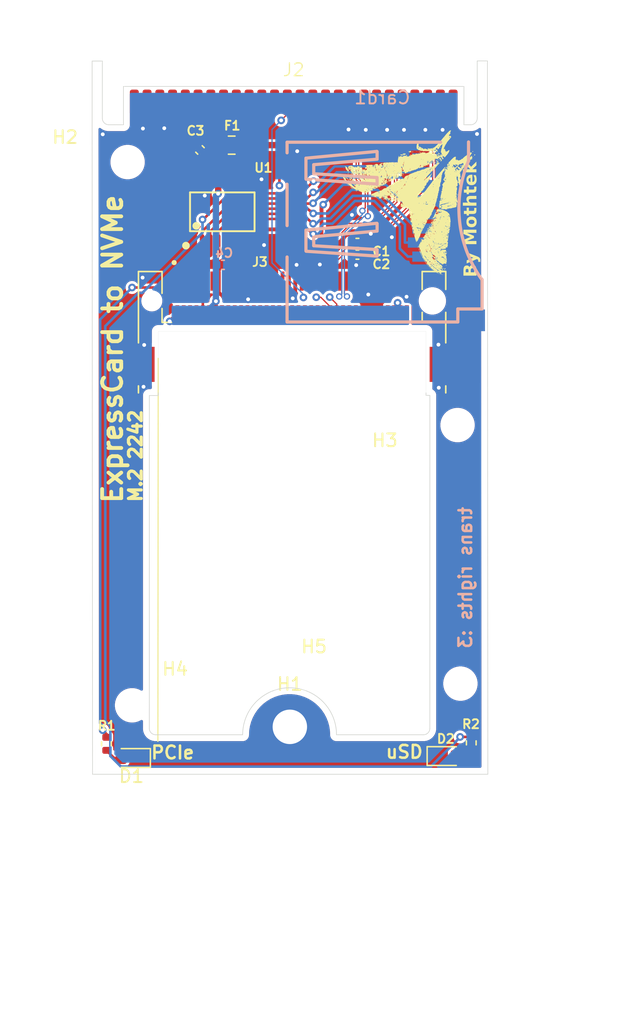
<source format=kicad_pcb>
(kicad_pcb (version 20241229) (generator "pcbnew") (generator_version "9.0")
  (layers (0 "F.Cu" signal) (2 "B.Cu" signal) (13 "F.Paste" user) (15 "B.Paste" user) (5 "F.SilkS" user "F.Silkscreen") (7 "B.SilkS" user "B.Silkscreen") (1 "F.Mask" user) (3 "B.Mask" user) (25 "Edge.Cuts" user))
  (net 0 "")
  (net 1 "PCIe_TX_P")
  (net 2 "PCIe_TX_N")
  (net 3 "GND")
  (net 4 "3V3")
  (net 5 "PCIe_LED")
  (net 6 "USB_N")
  (net 7 "USB_P")
  (net 8 "Net-(D1-A)")
  (net 9 "Net-(D2-A)")
  (net 11 "PCIe_CLK_P")
  (net 12 "CLKREQ")
  (net 13 "1V5")
  (net 14 "PCIe_RX_N")
  (net 17 "PERST")
  (net 19 "PCIe_CLK_N")
  (net 21 "PCIe_RX_P")
  (net 23 "SD_DAT0")
  (net 24 "PCIe_TX_C_P")
  (net 25 "PCIe_TX_C_N")
  (net 26 "SD_CMD")
  (net 27 "SD_3V3")
  (net 28 "SD_DAT3")
  (net 29 "SD_CLK")
  (net 30 "SD_DAT2")
  (net 31 "SD_DAT1")
  (net 32 "SD_LED")
  (net 35 "3V3_F")
  (footprint "Capacitor_SMD:C_0402_1005Metric" (layer "F.Cu") (at 68.65 56.225 -45)
    (property "Reference" "C3")
    (property "Value" "0.1uF")
  )
  (footprint "MountingHole:MountingHole_2.2mm_M2" (layer "F.Cu") (at 89.075 98.025)
    (property "Reference" "H5")
    (property "Value" "MOUNTING SCREW")
  )
  (footprint "MDT180M03001_2:AMPHENOL_MDT180M03001" (layer "F.Cu") (at 75.875 68.05)
    (property "Reference" "J3")
    (property "Value" "MDT180M03001")
    (fp_line (start -10.5 2.39) (end -10.5 7.2) (stroke (width 0.01)) (layer "Edge.Cuts"))
    (fp_line (start 10.5 2.39) (end -10.5 2.39) (stroke (width 0.01)) (layer "Edge.Cuts"))
    (fp_line (start 10.5 7.2) (end 10.5 2.39) (stroke (width 0.01)) (layer "Edge.Cuts"))
  )
  (footprint "GL823K-HCY04:SSOP-16_L4.9-W3.9-P0.64-LS6.0-BL" (layer "F.Cu") (at 70.400001 61.070001)
    (property "Reference" "U1")
    (property "Value" "GL823K-HCY04")
  )
  (footprint "MountingHole:MountingHole_2.2mm_M2" (layer "F.Cu") (at 62.975 57.175)
    (property "Reference" "H2")
    (property "Value" "MOUNTING SCREW")
  )
  (footprint "Fuse:Fuse_0805_2012Metric" (layer "F.Cu") (at 71.1375 55.85)
    (property "Reference" "F1")
    (property "Value" "Fuse_Small")
  )
  (footprint "thinkmoth:ExpressCard_Plug" (layer "F.Cu") (at 76 52.5)
    (property "Reference" "J2")
    (property "Value" "ExpressCard")
    (fp_line (start -13.35 -1.25) (end 13.35 -1.25) (stroke (width 0.05)) (layer "Edge.Cuts"))
    (fp_line (start -13.35 1.75) (end -13.35 -1.25) (stroke (width 0.05)) (layer "Edge.Cuts"))
    (fp_line (start 13.35 -1.25) (end 13.35 1.75) (stroke (width 0.05)) (layer "Edge.Cuts"))
  )
  (footprint "LED_SMD:LED_0603_1608Metric" (layer "F.Cu") (at 87.95 103.7)
    (property "Reference" "D2")
    (property "Value" "LED")
  )
  (footprint "Resistor_SMD:R_0402_1005Metric" (layer "F.Cu") (at 89.925 102.664999 90)
    (property "Reference" "R2")
    (property "Value" "680r")
  )
  (footprint "Capacitor_SMD:C_0402_1005Metric" (layer "F.Cu") (at 80.997684 63.510701 180)
    (property "Reference" "C1")
    (property "Value" "0.1uF")
  )
  (footprint "MountingHole:MountingHole_2.2mm_M2" (layer "F.Cu") (at 63.325 99.725)
    (property "Reference" "H4")
    (property "Value" "MOUNTING SCREW")
  )
  (footprint "LED_SMD:LED_0603_1608Metric" (layer "F.Cu") (at 63.275 103.85 180)
    (property "Reference" "D1")
    (property "Value" "LED")
  )
  (footprint "Resistor_SMD:R_0402_1005Metric" (layer "F.Cu") (at 61.3125 102.739999 90)
    (property "Reference" "R1")
    (property "Value" "680r")
  )
  (footprint "Capacitor_SMD:C_0402_1005Metric" (layer "F.Cu") (at 81 64.425 180)
    (property "Reference" "C2")
    (property "Value" "0.1uF")
  )
  (footprint "MountingHole:MountingHole_2.2mm_M2" (layer "F.Cu") (at 88.85 77.775)
    (property "Reference" "H3")
    (property "Value" "MOUNTING SCREW")
  )
  (footprint "MountingHole:MountingHole_2.7mm_M2.5_DIN965_Pad" (layer "F.Cu") (at 75.697448 101.410808)
    (property "Reference" "H1")
    (property "Value" "M.2 SCREW")
  )
  (footprint "SOFNG-TF-001B:TF-SMD_TF-001B" (layer "B.Cu") (at 82.95 62.85 180)
    (property "Reference" "Card1")
    (property "Value" "TF-001B")
  )
  (footprint "Capacitor_SMD:C_0402_1005Metric" (layer "B.Cu") (at 70.45 65.225 180)
    (property "Reference" "C4")
    (property "Value" "0.1uF")
  )
  (gr_poly (pts (xy 86.837388 61.709902) (xy 86.836504 61.70893) (xy 86.835717 61.708004) (xy 86.835025 61.707116) (xy 86.834431 61.706272) (xy 86.833932 61.705467) (xy 86.833533 61.704702) (xy 86.833228 61.703975) (xy 86.833023 61.703288) (xy 86.832915 61.702634) (xy 86.832908 61.702021) (xy 86.832999 61.701441) (xy 86.833188 61.700897) (xy 86.833479 61.70039) (xy 86.833867 61.699913) (xy 86.834359 61.69947) (xy 86.834952 61.699059) (xy 86.835644 61.69868) (xy 86.836436 61.698331) (xy 86.837334 61.698011) (xy 86.838331 61.697724) (xy 86.839433 61.697461) (xy 86.840638 61.69723) (xy 86.841944 61.697022) (xy 86.843355 61.696842) (xy 86.844869 61.696687) (xy 86.848214 61.696453) (xy 86.850808 61.69601) (xy 86.853342 61.695434) (xy 86.855802 61.694732) (xy 86.858176 61.693912) (xy 86.860453 61.692981) (xy 86.862615 61.691945) (xy 86.86465 61.690814) (xy 86.86655 61.689592) (xy 86.868296 61.688291) (xy 86.869877 61.686914) (xy 86.870601 61.686199) (xy 86.871279 61.68547) (xy 86.87191 61.684724) (xy 86.872491 61.683966) (xy 86.87302 61.683194) (xy 86.873495 61.682408) (xy 86.873918 61.681612) (xy 86.874286 61.680807) (xy 86.874593 61.67999) (xy 86.874844 61.679165) (xy 86.87503 61.678334) (xy 86.875156 61.677496) (xy 86.875344 61.675952) (xy 86.875531 61.674689) (xy 86.875718 61.673706) (xy 86.875905 61.673003) (xy 86.875999 61.67276) (xy 86.876091 61.672585) (xy 86.876185 61.672478) (xy 86.876278 61.672445) (xy 86.876373 61.672477) (xy 86.876465 61.672584) (xy 86.87656 61.672759) (xy 86.876652 61.673003) (xy 86.876839 61.673705) (xy 86.877028 61.67469) (xy 86.877213 61.675952) (xy 86.877402 61.677496) (xy 86.877776 61.681422) (xy 86.878151 61.686475) (xy 86.878442 61.688939) (xy 86.878927 61.691452) (xy 86.879598 61.693988) (xy 86.880441 61.696531) (xy 86.881441 61.699057) (xy 86.882587 61.701541) (xy 86.883865 61.703966) (xy 86.88526 61.706305) (xy 86.886758 61.708542) (xy 86.888352 61.710651) (xy 86.890023 61.71261) (xy 86.89176 61.714399) (xy 86.89355 61.715993) (xy 86.89538 61.717374) (xy 86.897234 61.718516) (xy 86.898168 61.718993) (xy 86.899103 61.719403) (xy 86.900111 61.719877) (xy 86.90108 61.720372) (xy 86.902005 61.720883) (xy 86.902887 61.721404) (xy 86.903726 61.721942) (xy 86.904522 61.722491) (xy 86.905272 61.723054) (xy 86.90598 61.723628) (xy 86.90664 61.72421) (xy 86.907256 61.724805) (xy 86.907825 61.725408) (xy 86.908346 61.726015) (xy 86.908823 61.726631) (xy 86.909248 61.727252) (xy 86.909628 61.727877) (xy 86.909954 61.728507) (xy 86.910234 61.72914) (xy 86.910463 61.729775) (xy 86.910642 61.730412) (xy 86.910767 61.731048) (xy 86.910842 61.731683) (xy 86.910864 61.732316) (xy 86.910836 61.732947) (xy 86.91075 61.733574) (xy 86.910612 61.734199) (xy 86.910418 61.734815) (xy 86.910171 61.735428) (xy 86.909865 61.736032) (xy 86.909508 61.736629) (xy 86.909089 61.737216) (xy 86.908617 61.737795) (xy 86.908083 61.738361) (xy 86.907503 61.738908) (xy 86.906882 61.739426) (xy 86.906225 61.739911) (xy 86.905532 61.740369) (xy 86.904807 61.740797) (xy 86.904051 61.741196) (xy 86.903268 61.741564) (xy 86.902456 61.7419) (xy 86.900758 61.742482) (xy 86.89898 61.742938) (xy 86.897134 61.743271) (xy 86.895237 61.743474) (xy 86.893304 61.743552) (xy 86.891353 61.743497) (xy 86.889399 61.743309) (xy 86.887457 61.742991) (xy 86.885545 61.742538) (xy 86.883678 61.741949) (xy 86.882768 61.741602) (xy 86.881872 61.741221) (xy 86.880998 61.740806) (xy 86.880147 61.740356) (xy 86.87837 61.739704) (xy 86.876432 61.738876) (xy 86.874343 61.737885) (xy 86.872133 61.736739) (xy 86.867412 61.734043) (xy 86.862434 61.730877) (xy 86.857362 61.727339) (xy 86.852361 61.723518) (xy 86.849941 61.721534) (xy 86.847596 61.719513) (xy 86.845349 61.717468) (xy 86.843226 61.715411) (xy 86.840607 61.713071) (xy 86.838366 61.710912)) (fill yes) (layer "F.SilkS"))
  (gr_poly (pts (xy 87.458697 60.816189) (xy 87.458545 60.815969) (xy 87.458416 60.815725) (xy 87.458312 60.815461) (xy 87.458171 60.814871) (xy 87.458124 60.814205) (xy 87.458171 60.813469) (xy 87.458311 60.812669) (xy 87.458545 60.811811) (xy 87.458875 60.810898) (xy 87.459295 60.809942) (xy 87.459809 60.808942) (xy 87.460416 60.807909) (xy 87.461118 60.806847) (xy 87.461913 60.805761) (xy 87.462803 60.804656) (xy 87.463784 60.803541) (xy 87.464859 60.802419) (xy 87.465341 60.801967) (xy 87.46585 60.801541) (xy 87.466386 60.801148) (xy 87.466947 60.800785) (xy 87.46753 60.800449) (xy 87.468133 60.800146) (xy 87.468755 60.799872) (xy 87.469397 60.799628) (xy 87.470053 60.799416) (xy 87.470725 60.799234) (xy 87.471408 60.799083) (xy 87.472104 60.798964) (xy 87.472808 60.798875) (xy 87.47352 60.798818) (xy 87.474239 60.798795) (xy 87.474961 60.798802) (xy 87.47569 60.798841) (xy 87.476417 60.798912) (xy 87.477143 60.799017) (xy 87.477868 60.799154) (xy 87.478591 60.799325) (xy 87.479307 60.799527) (xy 87.480015 60.799765) (xy 87.480716 60.800033) (xy 87.481406 60.800337) (xy 87.482085 60.800674) (xy 87.482749 60.801044) (xy 87.4834 60.801451) (xy 87.48403 60.801889) (xy 87.484646 60.802362) (xy 87.485241 60.802873) (xy 87.485814 60.803416) (xy 87.48626 60.803889) (xy 87.486657 60.804373) (xy 87.487007 60.804867) (xy 87.487316 60.805366) (xy 87.487579 60.805874) (xy 87.487797 60.806388) (xy 87.487973 60.806904) (xy 87.488105 60.807423) (xy 87.488195 60.807944) (xy 87.488244 60.808465) (xy 87.48825 60.808986) (xy 87.488215 60.809503) (xy 87.488143 60.810017) (xy 87.488028 60.810525) (xy 87.487876 60.811029) (xy 87.487685 60.811522) (xy 87.487457 60.812011) (xy 87.487188 60.812486) (xy 87.486884 60.812952) (xy 87.486546 60.813403) (xy 87.486168 60.813843) (xy 87.485758 60.814266) (xy 87.485312 60.814673) (xy 87.484833 60.815063) (xy 87.484318 60.815433) (xy 87.483771 60.815783) (xy 87.483192 60.816112) (xy 87.482581 60.816418) (xy 87.481938 60.816699) (xy 87.481265 60.816955) (xy 87.480561 60.817185) (xy 87.479826 60.817385) (xy 87.478144 60.8179) (xy 87.47647 60.818324) (xy 87.474815 60.818662) (xy 87.473185 60.818913) (xy 87.471591 60.819085) (xy 87.47004 60.819175) (xy 87.468542 60.819189) (xy 87.467104 60.819132) (xy 87.465737 60.819004) (xy 87.464449 60.818808) (xy 87.463251 60.818548) (xy 87.462148 60.818227) (xy 87.461634 60.818045) (xy 87.461149 60.817848) (xy 87.460692 60.817638) (xy 87.460265 60.817413) (xy 87.459868 60.817174) (xy 87.459502 60.816925) (xy 87.45917 60.816662) (xy 87.458873 60.816388)) (fill yes) (layer "F.SilkS"))
  (gr_poly (pts (xy 86.936004 64.703801) (xy 86.935024 64.702749) (xy 86.93407 64.701684) (xy 86.933151 64.700606) (xy 86.932262 64.699521) (xy 86.931412 64.698429) (xy 86.930597 64.697332) (xy 86.929818 64.696233) (xy 86.929077 64.695134) (xy 86.928375 64.694036) (xy 86.927715 64.692945) (xy 86.927094 64.691861) (xy 86.926515 64.690783) (xy 86.925982 64.689718) (xy 86.92549 64.688664) (xy 86.925046 64.687626) (xy 86.924648 64.686607) (xy 86.924299 64.685606) (xy 86.923999 64.68463) (xy 86.923748 64.683675) (xy 86.923549 64.682748) (xy 86.923402 64.681849) (xy 86.923308 64.680979) (xy 86.923268 64.680144) (xy 86.923285 64.679344) (xy 86.923358 64.67858) (xy 86.923489 64.677855) (xy 86.923678 64.677173) (xy 86.923928 64.676535) (xy 86.924237 64.675941) (xy 86.924611 64.675399) (xy 86.925046 64.674905) (xy 86.926738 64.673317) (xy 86.928442 64.671918) (xy 86.930155 64.670705) (xy 86.931869 64.669674) (xy 86.933581 64.668818) (xy 86.935287 64.668136) (xy 86.93698 64.667627) (xy 86.938656 64.667281) (xy 86.94031 64.667098) (xy 86.941938 64.667074) (xy 86.943535 64.667203) (xy 86.945094 64.667485) (xy 86.946612 64.667913) (xy 86.948083 64.668484) (xy 86.949503 64.669195) (xy 86.950864 64.670039) (xy 86.952167 64.671018) (xy 86.953401 64.672122) (xy 86.954565 64.673351) (xy 86.955653 64.674699) (xy 86.95666 64.676166) (xy 86.957578 64.677743) (xy 86.958411 64.679428) (xy 86.959145 64.681219) (xy 86.959777 64.683112) (xy 86.960304 64.685098) (xy 86.960721 64.687179) (xy 86.96102 64.689352) (xy 86.9612 64.691607) (xy 86.961254 64.693946) (xy 86.96118 64.696361) (xy 86.960968 64.698852) (xy 86.960403 64.702898) (xy 86.959816 64.706435) (xy 86.959186 64.709466) (xy 86.958489 64.711994) (xy 86.958109 64.713074) (xy 86.957704 64.714027) (xy 86.957273 64.71486) (xy 86.95681 64.715565) (xy 86.956316 64.716154) (xy 86.955785 64.716619) (xy 86.955217 64.716964) (xy 86.954606 64.717187) (xy 86.953953 64.717291) (xy 86.953254 64.717276) (xy 86.952503 64.717142) (xy 86.951701 64.716889) (xy 86.950845 64.716519) (xy 86.949928 64.716031) (xy 86.948955 64.715428) (xy 86.947918 64.714708) (xy 86.945643 64.712922) (xy 86.943083 64.710681) (xy 86.940217 64.707983) (xy 86.937021 64.704839)) (fill yes) (layer "F.SilkS"))
  (gr_poly (pts (xy 80.629309 58.315506) (xy 80.627414 58.313496) (xy 80.625621 58.311518) (xy 80.623924 58.309576) (xy 80.622326 58.307671) (xy 80.620825 58.3058) (xy 80.619423 58.303966) (xy 80.618117 58.302173) (xy 80.61691 58.300417) (xy 80.6158 58.298703) (xy 80.614787 58.29703) (xy 80.613869 58.295398) (xy 80.613048 58.293809) (xy 80.612325 58.292264) (xy 80.611697 58.290765) (xy 80.611167 58.28931) (xy 80.610731 58.287902) (xy 80.610393 58.286542) (xy 80.610148 58.28523) (xy 80.609998 58.283967) (xy 80.609947 58.282754) (xy 80.609988 58.281594) (xy 80.610124 58.280484) (xy 80.610357 58.279428) (xy 80.610682 58.278428) (xy 80.611102 58.27748) (xy 80.611615 58.276587) (xy 80.612222 58.275752) (xy 80.612924 58.274975) (xy 80.613565 58.274284) (xy 80.614174 58.273516) (xy 80.614756 58.272681) (xy 80.615305 58.271776) (xy 80.616313 58.269771) (xy 80.617196 58.267522) (xy 80.617949 58.265055) (xy 80.618571 58.262381) (xy 80.619059 58.259529) (xy 80.619409 58.256517) (xy 80.619621 58.253362) (xy 80.619685 58.250089) (xy 80.619607 58.246715) (xy 80.619377 58.243264) (xy 80.618999 58.239753) (xy 80.618463 58.236205) (xy 80.61777 58.232637) (xy 80.616915 58.229077) (xy 80.615912 58.22409) (xy 80.615152 58.219593) (xy 80.614869 58.217521) (xy 80.614652 58.215556) (xy 80.614502 58.213705) (xy 80.61442 58.211959) (xy 80.614408 58.210314) (xy 80.614469 58.208768) (xy 80.614601 58.207318) (xy 80.614811 58.205959) (xy 80.615095 58.204692) (xy 80.615456 58.203507) (xy 80.615894 58.202409) (xy 80.616416 58.201388) (xy 80.617018 58.200441) (xy 80.617705 58.199571) (xy 80.618476 58.198768) (xy 80.619332 58.198032) (xy 80.620277 58.197359) (xy 80.621309 58.196745) (xy 80.622435 58.196186) (xy 80.623651 58.195681) (xy 80.624961 58.195226) (xy 80.626365 58.194817) (xy 80.627864 58.194452) (xy 80.629466 58.194125) (xy 80.631164 58.193838) (xy 80.632964 58.193581) (xy 80.63687 58.193157) (xy 80.640929 58.192704) (xy 80.644506 58.192497) (xy 80.64761 58.192564) (xy 80.648987 58.19271) (xy 80.650248 58.192936) (xy 80.651397 58.19325) (xy 80.652431 58.193651) (xy 80.653352 58.194144) (xy 80.654165 58.194733) (xy 80.654868 58.195425) (xy 80.655462 58.196221) (xy 80.655949 58.197127) (xy 80.656329 58.198144) (xy 80.656602 58.199279) (xy 80.656774 58.200533) (xy 80.656843 58.201916) (xy 80.656808 58.203424) (xy 80.656672 58.205069) (xy 80.656439 58.20685) (xy 80.655673 58.210834) (xy 80.654523 58.215418) (xy 80.652996 58.220631) (xy 80.651103 58.226504) (xy 80.648846 58.233066) (xy 80.6473 58.238186) (xy 80.646033 58.243426) (xy 80.645036 58.248768) (xy 80.644308 58.254194) (xy 80.643842 58.259683) (xy 80.643636 58.265217) (xy 80.643683 58.270779) (xy 80.643982 58.276348) (xy 80.644522 58.281905) (xy 80.645308 58.287431) (xy 80.646329 58.292906) (xy 80.647582 58.298314) (xy 80.649065 58.303635) (xy 80.650767 58.308848) (xy 80.652693 58.313936) (xy 80.654832 58.318878) (xy 80.676783 58.360786) (xy 80.63787 58.323869) (xy 80.635581 58.321732) (xy 80.633391 58.319624) (xy 80.6313 58.317549)) (fill yes) (layer "F.SilkS"))
  (gr_poly (pts (xy 87.385486 56.97127) (xy 87.384969 56.970684) (xy 87.384485 56.970083) (xy 87.384026 56.969465) (xy 87.383599 56.968837) (xy 87.383204 56.968196) (xy 87.382841 56.967544) (xy 87.382509 56.966883) (xy 87.38221 56.966211) (xy 87.381942 56.965533) (xy 87.381708 56.964849) (xy 87.381508 56.964158) (xy 87.381342 56.963465) (xy 87.381208 56.962766) (xy 87.381111 56.962065) (xy 87.381043 56.961364) (xy 87.381015 56.960661) (xy 87.38102 56.959962) (xy 87.381064 56.959263) (xy 87.38114 56.958569) (xy 87.381256 56.957878) (xy 87.381407 56.957194) (xy 87.381598 56.956515) (xy 87.381823 56.955843) (xy 87.382088 56.955182) (xy 87.382392 56.954531) (xy 87.382733 56.953888) (xy 87.383116 56.95326) (xy 87.383534 56.952644) (xy 87.383994 56.952042) (xy 87.384495 56.951457) (xy 87.385037 56.950887) (xy 87.385508 56.950423) (xy 87.385993 56.949975) (xy 87.386485 56.949538) (xy 87.386985 56.949116) (xy 87.387493 56.948705) (xy 87.388006 56.94831) (xy 87.388523 56.947931) (xy 87.389042 56.947567) (xy 87.390086 56.946884) (xy 87.391123 56.946275) (xy 87.391635 56.945995) (xy 87.392144 56.945735) (xy 87.392646 56.945496) (xy 87.393143 56.945273) (xy 87.393628 56.945073) (xy 87.394106 56.944893) (xy 87.39457 56.944737) (xy 87.395023 56.9446) (xy 87.395462 56.94449) (xy 87.395885 56.944399) (xy 87.396292 56.944333) (xy 87.396681 56.944292) (xy 87.397051 56.944275) (xy 87.397403 56.944282) (xy 87.39773 56.944319) (xy 87.398035 56.944381) (xy 87.398317 56.944467) (xy 87.398574 56.944583) (xy 87.398803 56.944727) (xy 87.399004 56.944898) (xy 87.399276 56.9452) (xy 87.39953 56.945541) (xy 87.399768 56.945919) (xy 87.399987 56.946333) (xy 87.400379 56.94726) (xy 87.400704 56.948314) (xy 87.400962 56.949479) (xy 87.401161 56.95074) (xy 87.401297 56.952088) (xy 87.401375 56.953506) (xy 87.401392 56.954983) (xy 87.401353 56.956505) (xy 87.401258 56.958059) (xy 87.401109 56.959632) (xy 87.400908 56.961212) (xy 87.400656 56.962785) (xy 87.400353 56.964335) (xy 87.400004 56.965854) (xy 87.399715 56.966674) (xy 87.399407 56.967456) (xy 87.399086 56.968194) (xy 87.398747 56.968893) (xy 87.398394 56.969551) (xy 87.398028 56.970168) (xy 87.397651 56.970746) (xy 87.39726 56.971278) (xy 87.396855 56.971773) (xy 87.39644 56.972226) (xy 87.396016 56.972638) (xy 87.395583 56.973009) (xy 87.39514 56.97334) (xy 87.394689 56.973631) (xy 87.394231 56.973878) (xy 87.393766 56.974086) (xy 87.393296 56.974251) (xy 87.39282 56.974377) (xy 87.392341 56.974463) (xy 87.391856 56.974508) (xy 87.39137 56.974509) (xy 87.390882 56.974471) (xy 87.390391 56.974393) (xy 87.389899 56.974272) (xy 87.389409 56.974112) (xy 87.388919 56.97391) (xy 87.388428 56.973666) (xy 87.387943 56.973383) (xy 87.387459 56.973059) (xy 87.386979 56.972694) (xy 87.386504 56.972288) (xy 87.386033 56.97184)) (fill yes) (layer "F.SilkS"))
  (gr_poly (pts (xy 88.232626 55.084421) (xy 88.23212 55.083843) (xy 88.231643 55.083258) (xy 88.231203 55.08266) (xy 88.230799 55.082056) (xy 88.230427 55.081443) (xy 88.230091 55.080825) (xy 88.229787 55.080204) (xy 88.229518 55.079575) (xy 88.229282 55.078943) (xy 88.229079 55.07831) (xy 88.228909 55.077677) (xy 88.228771 55.07704) (xy 88.228667 55.076403) (xy 88.228595 55.075768) (xy 88.228556 55.075135) (xy 88.228548 55.074505) (xy 88.228573 55.073879) (xy 88.22863 55.073259) (xy 88.228716 55.072643) (xy 88.228837 55.072033) (xy 88.228988 55.071432) (xy 88.229169 55.070838) (xy 88.229382 55.070257) (xy 88.229625 55.069682) (xy 88.229901 55.069119) (xy 88.230203 55.068569) (xy 88.230539 55.068033) (xy 88.230901 55.067509) (xy 88.231296 55.067) (xy 88.231719 55.066508) (xy 88.232172 55.066031) (xy 88.232749 55.065479) (xy 88.233352 55.064943) (xy 88.233982 55.064427) (xy 88.234638 55.063932) (xy 88.235318 55.063455) (xy 88.23602 55.062998) (xy 88.236744 55.062563) (xy 88.23749 55.06215) (xy 88.239033 55.061387) (xy 88.240645 55.060718) (xy 88.242309 55.060143) (xy 88.244022 55.05967) (xy 88.245768 55.059301) (xy 88.246652 55.05916) (xy 88.247539 55.059045) (xy 88.248431 55.058958) (xy 88.249325 55.0589) (xy 88.25022 55.058872) (xy 88.251116 55.058875) (xy 88.252008 55.058907) (xy 88.2529 55.058972) (xy 88.253785 55.059066) (xy 88.254668 55.059195) (xy 88.255542 55.059357) (xy 88.256412 55.059552) (xy 88.257267 55.059779) (xy 88.258115 55.060044) (xy 88.258845 55.06025) (xy 88.259532 55.060496) (xy 88.260175 55.060783) (xy 88.260777 55.061105) (xy 88.261339 55.061461) (xy 88.261859 55.06185) (xy 88.262331 55.062273) (xy 88.262763 55.062725) (xy 88.263148 55.063206) (xy 88.263493 55.063716) (xy 88.263791 55.064254) (xy 88.264046 55.064815) (xy 88.264252 55.0654) (xy 88.264415 55.066006) (xy 88.264531 55.066634) (xy 88.264602 55.06728) (xy 88.264626 55.06794) (xy 88.264601 55.068622) (xy 88.264528 55.069314) (xy 88.264409 55.070022) (xy 88.264242 55.070739) (xy 88.264027 55.071471) (xy 88.263762 55.072207) (xy 88.263449 55.072952) (xy 88.263082 55.073704) (xy 88.26267 55.074459) (xy 88.262204 55.075219) (xy 88.26169 55.075977) (xy 88.261123 55.076736) (xy 88.260506 55.077496) (xy 88.259834 55.078252) (xy 88.259116 55.079002) (xy 88.258264 55.079822) (xy 88.257396 55.080605) (xy 88.256517 55.081344) (xy 88.255626 55.082043) (xy 88.254722 55.082701) (xy 88.253811 55.083317) (xy 88.252895 55.083893) (xy 88.251973 55.084427) (xy 88.251047 55.084921) (xy 88.250122 55.085375) (xy 88.249196 55.085786) (xy 88.248273 55.086158) (xy 88.247355 55.08649) (xy 88.246445 55.086778) (xy 88.245538 55.087027) (xy 88.244647 55.087234) (xy 88.243763 55.087401) (xy 88.242893 55.087526) (xy 88.24204 55.087611) (xy 88.241202 55.087656) (xy 88.240386 55.087657) (xy 88.239589 55.087619) (xy 88.238817 55.087542) (xy 88.238065 55.08742) (xy 88.237341 55.087261) (xy 88.236647 55.087061) (xy 88.235981 55.086817) (xy 88.235348 55.086533) (xy 88.23475 55.086209) (xy 88.234185 55.085844) (xy 88.233658 55.085437) (xy 88.23317 55.08499)) (fill yes) (layer "F.SilkS"))
  (gr_poly (pts (xy 89.936536 56.98019) (xy 89.936146 56.979677) (xy 89.935781 56.979127) (xy 89.935447 56.97854) (xy 89.935144 56.977917) (xy 89.934873 56.977257) (xy 89.934636 56.976563) (xy 89.93443 56.975832) (xy 89.934216 56.974935) (xy 89.934133 56.973929) (xy 89.93435 56.971616) (xy 89.935055 56.968919) (xy 89.936224 56.965869) (xy 89.93783 56.962497) (xy 89.93985 56.958835) (xy 89.94226 56.954913) (xy 89.945031 56.95076) (xy 89.948144 56.946412) (xy 89.951572 56.941892) (xy 89.959267 56.932473) (xy 89.967922 56.922751) (xy 89.977337 56.91297) (xy 89.983264 56.907438) (xy 89.988712 56.902449) (xy 89.993681 56.897997) (xy 89.998182 56.894088) (xy 90.000256 56.892339) (xy 90.002219 56.890724) (xy 90.004068 56.889247) (xy 90.005802 56.887907) (xy 90.007427 56.886701) (xy 90.008938 56.885634) (xy 90.010342 56.884703) (xy 90.011635 56.883908) (xy 90.012821 56.883253) (xy 90.013899 56.882732) (xy 90.014872 56.882351) (xy 90.015738 56.882109) (xy 90.016131 56.882042) (xy 90.0165 56.882004) (xy 90.016842 56.882005) (xy 90.017158 56.882037) (xy 90.01745 56.882108) (xy 90.017714 56.88221) (xy 90.017954 56.882348) (xy 90.018166 56.882521) (xy 90.018357 56.882729) (xy 90.018522 56.88297) (xy 90.01866 56.883247) (xy 90.018774 56.88356) (xy 90.018863 56.883907) (xy 90.018928 56.884287) (xy 90.018984 56.885154) (xy 90.018943 56.886161) (xy 90.018807 56.887307) (xy 90.018574 56.888595) (xy 90.018246 56.890018) (xy 90.016836 56.894701) (xy 90.014886 56.899731) (xy 90.012424 56.905064) (xy 90.0095 56.910647) (xy 90.006148 56.916437) (xy 90.002408 56.922381) (xy 89.99832 56.928434) (xy 89.993926 56.934547) (xy 89.989259 56.940672) (xy 89.984366 56.946761) (xy 89.979281 56.952765) (xy 89.974046 56.958636) (xy 89.968699 56.964325) (xy 89.963282 56.969784) (xy 89.957832 56.974967) (xy 89.952391 56.979824) (xy 89.951642 56.980363) (xy 89.950896 56.980853) (xy 89.950151 56.981299) (xy 89.949407 56.981699) (xy 89.948671 56.982051) (xy 89.947939 56.982362) (xy 89.947214 56.982625) (xy 89.946495 56.982848) (xy 89.945788 56.983024) (xy 89.94509 56.983156) (xy 89.944402 56.983249) (xy 89.943725 56.983297) (xy 89.943063 56.983301) (xy 89.942414 56.983264) (xy 89.941782 56.983186) (xy 89.941165 56.983066) (xy 89.940566 56.982906) (xy 89.939986 56.982704) (xy 89.939426 56.982462) (xy 89.938885 56.982181) (xy 89.938369 56.98186) (xy 89.937875 56.981501) (xy 89.937401 56.981103) (xy 89.936956 56.980666)) (fill yes) (layer "F.SilkS"))
  (gr_poly (pts (xy 81.067176 58.575315) (xy 81.066426 58.574363) (xy 81.065765 58.57338) (xy 81.065199 58.572367) (xy 81.064732 58.571331) (xy 81.064364 58.570275) (xy 81.064102 58.569203) (xy 81.063947 58.568117) (xy 81.063902 58.567022) (xy 81.063972 58.565919) (xy 81.064158 58.564816) (xy 81.064464 58.563714) (xy 81.064895 58.562616) (xy 81.065452 58.561529) (xy 81.066142 58.560453) (xy 81.066965 58.559395) (xy 81.067924 58.558353) (xy 81.068415 58.557902) (xy 81.068951 58.557488) (xy 81.069531 58.557106) (xy 81.070151 58.556758) (xy 81.070812 58.556442) (xy 81.071512 58.556158) (xy 81.073021 58.555687) (xy 81.074666 58.555338) (xy 81.07643 58.55511) (xy 81.078304 58.554992) (xy 81.080271 58.554985) (xy 81.082322 58.555084) (xy 81.084441 58.555283) (xy 81.086614 58.55558) (xy 81.088831 58.555966) (xy 81.091076 58.556442) (xy 81.093339 58.557003) (xy 81.095603 58.55764) (xy 81.097858 58.558352) (xy 81.099656 58.5593) (xy 81.101308 58.560276) (xy 81.102818 58.561275) (xy 81.104183 58.56229) (xy 81.105409 58.563319) (xy 81.10649 58.564359) (xy 81.107436 58.565408) (xy 81.108241 58.566459) (xy 81.10891 58.567511) (xy 81.109442 58.568561) (xy 81.109838 58.5696) (xy 81.110101 58.57063) (xy 81.110229 58.571646) (xy 81.110228 58.57264) (xy 81.110095 58.573619) (xy 81.109832 58.574567) (xy 81.109438 58.575488) (xy 81.108921 58.576374) (xy 81.108276 58.577224) (xy 81.107505 58.578037) (xy 81.106609 58.578802) (xy 81.105592 58.579522) (xy 81.104453 58.580189) (xy 81.103191 58.580804) (xy 81.101809 58.581358) (xy 81.100308 58.58185) (xy 81.098693 58.582279) (xy 81.096957 58.582634) (xy 81.095109 58.582921) (xy 81.093146 58.583128) (xy 81.091069 58.583253) (xy 81.088878 58.583296) (xy 81.087119 58.583344) (xy 81.085398 58.583302) (xy 81.083718 58.583173) (xy 81.082083 58.582961) (xy 81.080499 58.582671) (xy 81.078965 58.582306) (xy 81.077484 58.581868) (xy 81.076062 58.581364) (xy 81.074702 58.580796) (xy 81.073406 58.580165) (xy 81.072179 58.579477) (xy 81.071024 58.578738) (xy 81.069942 58.577948) (xy 81.068938 58.577112) (xy 81.068014 58.576232)) (fill yes) (layer "F.SilkS"))
  (gr_poly (pts (xy 87.197516 57.220797) (xy 87.196599 57.219685) (xy 87.194805 57.217121) (xy 87.193068 57.214099) (xy 87.191399 57.210628) (xy 87.189798 57.206711) (xy 87.188271 57.202357) (xy 87.18683 57.197568) (xy 87.185475 57.192355) (xy 87.185214 57.190979) (xy 87.184996 57.189655) (xy 87.184817 57.188383) (xy 87.184682 57.187166) (xy 87.184586 57.186) (xy 87.184533 57.184891) (xy 87.184523 57.183832) (xy 87.184554 57.182829) (xy 87.184627 57.181881) (xy 87.184745 57.180986) (xy 87.184904 57.180145) (xy 87.185105 57.179359) (xy 87.185351 57.178629) (xy 87.185641 57.177952) (xy 87.18597 57.177331) (xy 87.186346 57.176765) (xy 87.186765 57.176253) (xy 87.187231 57.175802) (xy 87.187737 57.175402) (xy 87.188288 57.17506) (xy 87.188887 57.174774) (xy 87.189528 57.174544) (xy 87.190215 57.174371) (xy 87.190947 57.174254) (xy 87.191723 57.174194) (xy 87.192546 57.174195) (xy 87.193413 57.174249) (xy 87.194327 57.174363) (xy 87.195288 57.174533) (xy 87.196293 57.174762) (xy 87.197348 57.175048) (xy 87.198446 57.175394) (xy 87.200375 57.175922) (xy 87.202229 57.176577) (xy 87.204015 57.177347) (xy 87.205721 57.178225) (xy 87.207348 57.179206) (xy 87.208896 57.180284) (xy 87.210362 57.181453) (xy 87.211744 57.182706) (xy 87.213039 57.184035) (xy 87.214248 57.185437) (xy 87.215363 57.186902) (xy 87.216387 57.188425) (xy 87.217317 57.190002) (xy 87.218153 57.191622) (xy 87.218888 57.193283) (xy 87.219525 57.194975) (xy 87.220057 57.196693) (xy 87.220484 57.198434) (xy 87.22081 57.200187) (xy 87.221021 57.201947) (xy 87.221127 57.203707) (xy 87.221118 57.205462) (xy 87.220995 57.207205) (xy 87.220757 57.208928) (xy 87.220397 57.210629) (xy 87.21992 57.212295) (xy 87.21932 57.213927) (xy 87.218593 57.215514) (xy 87.217743 57.21705) (xy 87.216764 57.218528) (xy 87.215653 57.219945) (xy 87.214411 57.221291) (xy 87.213382 57.222255) (xy 87.212354 57.223093) (xy 87.211327 57.223804) (xy 87.210303 57.224387) (xy 87.20928 57.224844) (xy 87.208263 57.225177) (xy 87.20725 57.225386) (xy 87.206242 57.225472) (xy 87.20524 57.225432) (xy 87.204242 57.225272) (xy 87.203255 57.224991) (xy 87.202273 57.224589) (xy 87.201302 57.224067) (xy 87.200338 57.223427) (xy 87.199387 57.222667) (xy 87.198446 57.221789)) (fill yes) (layer "F.SilkS"))
  (gr_poly (pts (xy 83.981982 60.253049) (xy 83.981498 60.252445) (xy 83.981065 60.251816) (xy 83.980686 60.25116) (xy 83.980356 60.250479) (xy 83.980075 60.249779) (xy 83.979845 60.249054) (xy 83.979663 60.248309) (xy 83.979528 60.247545) (xy 83.979443 60.246764) (xy 83.979403 60.245967) (xy 83.97941 60.245154) (xy 83.979563 60.243488) (xy 83.979897 60.241777) (xy 83.980405 60.240029) (xy 83.981083 60.238258) (xy 83.981929 60.236472) (xy 83.982936 60.234683) (xy 83.984103 60.232899) (xy 83.985421 60.231129) (xy 83.986889 60.229388) (xy 83.988503 60.227683) (xy 83.989251 60.226957) (xy 83.99 60.22628) (xy 83.990744 60.225649) (xy 83.991486 60.225065) (xy 83.992224 60.224527) (xy 83.992958 60.224041) (xy 83.993687 60.223601) (xy 83.994412 60.223206) (xy 83.995127 60.222864) (xy 83.995833 60.222568) (xy 83.996531 60.22232) (xy 83.997218 60.222123) (xy 83.997898 60.221973) (xy 83.998562 60.221872) (xy 83.999213 60.221823) (xy 83.999852 60.221821) (xy 84.000477 60.221869) (xy 84.001085 60.221968) (xy 84.001677 60.222114) (xy 84.002252 60.222315) (xy 84.002808 60.222562) (xy 84.003345 60.222862) (xy 84.003862 60.22321) (xy 84.00436 60.223614) (xy 84.004833 60.224066) (xy 84.005283 60.224569) (xy 84.005712 60.225123) (xy 84.006113 60.225731) (xy 84.006494 60.226391) (xy 84.006844 60.2271) (xy 84.007164 60.227864) (xy 84.007463 60.228679) (xy 84.007789 60.23022) (xy 84.008022 60.23184) (xy 84.008163 60.233526) (xy 84.00821 60.235258) (xy 84.008163 60.23703) (xy 84.008023 60.238818) (xy 84.007787 60.240614) (xy 84.007462 60.2424) (xy 84.00704 60.244163) (xy 84.006526 60.245889) (xy 84.005919 60.24756) (xy 84.005215 60.249166) (xy 84.004421 60.250688) (xy 84.003532 60.252117) (xy 84.002551 60.253434) (xy 84.002023 60.254044) (xy 84.001474 60.254624) (xy 84.000995 60.255073) (xy 84.000494 60.25549) (xy 83.999973 60.255871) (xy 83.99943 60.256218) (xy 83.998874 60.256532) (xy 83.998298 60.256811) (xy 83.99771 60.257059) (xy 83.997109 60.257274) (xy 83.996497 60.257456) (xy 83.995871 60.257608) (xy 83.995239 60.257727) (xy 83.994599 60.257816) (xy 83.993953 60.257874) (xy 83.993302 60.2579) (xy 83.992649 60.257899) (xy 83.991995 60.257867) (xy 83.991341 60.257805) (xy 83.990686 60.257715) (xy 83.990038 60.257595) (xy 83.98939 60.257449) (xy 83.988752 60.257275) (xy 83.988118 60.257072) (xy 83.987495 60.256844) (xy 83.986883 60.256588) (xy 83.98628 60.256305) (xy 83.98569 60.255998) (xy 83.985116 60.255665) (xy 83.984559 60.255307) (xy 83.984016 60.254922) (xy 83.983496 60.254514) (xy 83.982995 60.254082) (xy 83.982516 60.253627)) (fill yes) (layer "F.SilkS"))
  (gr_poly (pts (xy 81.924665 59.789769) (xy 81.923947 59.788907) (xy 81.923337 59.788045) (xy 81.922837 59.787184) (xy 81.92244 59.786323) (xy 81.922155 59.785463) (xy 81.921975 59.784598) (xy 81.921902 59.783734) (xy 81.921938 59.782863) (xy 81.922078 59.78199) (xy 81.922325 59.781113) (xy 81.922679 59.780227) (xy 81.923137 59.779334) (xy 81.923704 59.778435) (xy 81.924378 59.777525) (xy 81.925154 59.776607) (xy 81.926037 59.775675) (xy 81.926532 59.775232) (xy 81.927088 59.774833) (xy 81.927693 59.774479) (xy 81.928355 59.774174) (xy 81.929063 59.773912) (xy 81.929823 59.773692) (xy 81.931479 59.773384) (xy 81.933305 59.773246) (xy 81.93528 59.773273) (xy 81.937397 59.773462) (xy 81.939633 59.773806) (xy 81.941973 59.774301) (xy 81.944405 59.774946) (xy 81.946909 59.775732) (xy 81.94947 59.776659) (xy 81.952072 59.777719) (xy 81.9547 59.778908) (xy 81.957334 59.780225) (xy 81.959962 59.781662) (xy 81.962476 59.783171) (xy 81.964784 59.784695) (xy 81.966885 59.786227) (xy 81.968783 59.787765) (xy 81.970485 59.789299) (xy 81.971988 59.790821) (xy 81.973298 59.792327) (xy 81.974415 59.793808) (xy 81.975344 59.795259) (xy 81.976089 59.796674) (xy 81.976648 59.798043) (xy 81.977028 59.799362) (xy 81.977231 59.800621) (xy 81.977259 59.801817) (xy 81.977115 59.802942) (xy 81.976799 59.80399) (xy 81.97632 59.804951) (xy 81.975677 59.805821) (xy 81.97487 59.806594) (xy 81.973905 59.807261) (xy 81.972787 59.807815) (xy 81.971516 59.808253) (xy 81.970094 59.808564) (xy 81.968521 59.808743) (xy 81.966807 59.808783) (xy 81.96495 59.808679) (xy 81.962954 59.808422) (xy 81.960822 59.808005) (xy 81.958555 59.807423) (xy 81.956158 59.806668) (xy 81.953632 59.805734) (xy 81.950982 59.804612) (xy 81.946154 59.802589) (xy 81.943905 59.801601) (xy 81.941765 59.800628) (xy 81.939737 59.799668) (xy 81.93782 59.798721) (xy 81.936014 59.797786) (xy 81.934316 59.796864) (xy 81.932728 59.795951) (xy 81.931249 59.795046) (xy 81.929879 59.794152) (xy 81.928619 59.793264) (xy 81.927469 59.792383) (xy 81.926425 59.791508) (xy 81.925491 59.790636)) (fill yes) (layer "F.SilkS"))
  (gr_poly (pts (xy 82.355542 59.325105) (xy 82.355016 59.324543) (xy 82.354513 59.323984) (xy 82.354034 59.323429) (xy 82.353577 59.322874) (xy 82.353146 59.322324) (xy 82.352735 59.321778) (xy 82.352349 59.321238) (xy 82.351986 59.320703) (xy 82.351649 59.320176) (xy 82.351333 59.319654) (xy 82.351039 59.319141) (xy 82.350771 59.318637) (xy 82.350526 59.318144) (xy 82.350304 59.317658) (xy 82.350105 59.317185) (xy 82.34993 59.316723) (xy 82.349778 59.316274) (xy 82.349648 59.315838) (xy 82.349544 59.315415) (xy 82.349461 59.315007) (xy 82.349404 59.314616) (xy 82.349369 59.314238) (xy 82.349357 59.313881) (xy 82.349369 59.313537) (xy 82.349402 59.313213) (xy 82.349462 59.312909) (xy 82.349542 59.312624) (xy 82.349649 59.31236) (xy 82.349778 59.312116) (xy 82.34993 59.311894) (xy 82.350104 59.311696) (xy 82.350403 59.311421) (xy 82.350735 59.311159) (xy 82.351496 59.310671) (xy 82.352381 59.310236) (xy 82.35338 59.309857) (xy 82.354483 59.309533) (xy 82.355682 59.309275) (xy 82.35697 59.309081) (xy 82.358338 59.308951) (xy 82.359774 59.308896) (xy 82.361273 59.308909) (xy 82.362824 59.309001) (xy 82.364418 59.309172) (xy 82.366049 59.30942) (xy 82.367702 59.309758) (xy 82.369376 59.310183) (xy 82.371061 59.310699) (xy 82.371792 59.3109) (xy 82.372496 59.311128) (xy 82.37317 59.311386) (xy 82.373813 59.311666) (xy 82.374424 59.311973) (xy 82.375003 59.312301) (xy 82.37555 59.312652) (xy 82.376062 59.313022) (xy 82.376544 59.313411) (xy 82.37699 59.313818) (xy 82.377402 59.314241) (xy 82.377777 59.314681) (xy 82.378116 59.315132) (xy 82.37842 59.315597) (xy 82.378687 59.316073) (xy 82.378917 59.316561) (xy 82.379108 59.317056) (xy 82.37926 59.317559) (xy 82.379374 59.318067) (xy 82.379449 59.318582) (xy 82.379482 59.319098) (xy 82.379474 59.31962) (xy 82.379427 59.32014) (xy 82.379339 59.320661) (xy 82.379205 59.321181) (xy 82.37903 59.321696) (xy 82.378812 59.32221) (xy 82.378548 59.322716) (xy 82.378242 59.323217) (xy 82.377888 59.323712) (xy 82.377489 59.324194) (xy 82.377045 59.324669) (xy 82.376473 59.325211) (xy 82.375879 59.325719) (xy 82.375265 59.326195) (xy 82.37463 59.326634) (xy 82.373981 59.327041) (xy 82.373316 59.327412) (xy 82.372638 59.327748) (xy 82.371948 59.328051) (xy 82.371247 59.328321) (xy 82.370539 59.328557) (xy 82.369822 59.328761) (xy 82.3691 59.328931) (xy 82.368374 59.329067) (xy 82.367648 59.329172) (xy 82.36692 59.329244) (xy 82.366196 59.329282) (xy 82.365471 59.329289) (xy 82.364752 59.329265) (xy 82.36404 59.32921) (xy 82.363336 59.329121) (xy 82.362642 59.329001) (xy 82.361957 59.32885) (xy 82.361285 59.328669) (xy 82.360629 59.328456) (xy 82.359988 59.328212) (xy 82.359366 59.327939) (xy 82.358762 59.327634) (xy 82.358179 59.327301) (xy 82.357619 59.326937) (xy 82.357082 59.326542) (xy 82.356576 59.326118) (xy 82.356092 59.325665)) (fill yes) (layer "F.SilkS"))
  (gr_poly (pts (xy 80.392513 59.093853) (xy 80.389947 59.09062) (xy 80.38939 59.089581) (xy 80.389353 59.088955) (xy 80.389856 59.088766) (xy 80.39093 59.089038) (xy 80.394879 59.091051) (xy 80.401389 59.095171) (xy 80.41139 59.101583) (xy 80.421859 59.108048) (xy 80.443735 59.120898) (xy 80.466075 59.133233) (xy 80.487949 59.144563) (xy 80.50842 59.154398) (xy 80.517835 59.158601) (xy 80.526552 59.162244) (xy 80.534449 59.165267) (xy 80.541408 59.167611) (xy 80.547319 59.169212) (xy 80.552058 59.170008) (xy 80.553524 59.170213) (xy 80.554935 59.170454) (xy 80.556285 59.170728) (xy 80.557579 59.171036) (xy 80.558815 59.171379) (xy 80.559993 59.171756) (xy 80.561113 59.172168) (xy 80.562177 59.17261) (xy 80.563182 59.17309) (xy 80.564132 59.173604) (xy 80.565026 59.174148) (xy 80.565862 59.174726) (xy 80.566642 59.175337) (xy 80.567367 59.175983) (xy 80.568033 59.176658) (xy 80.568648 59.177366) (xy 80.569203 59.178108) (xy 80.569707 59.17888) (xy 80.570151 59.179685) (xy 80.570542 59.180521) (xy 80.570879 59.181389) (xy 80.571162 59.182289) (xy 80.571389 59.183217) (xy 80.571562 59.184178) (xy 80.571682 59.185171) (xy 80.571748 59.186193) (xy 80.571757 59.187246) (xy 80.571716 59.18833) (xy 80.571621 59.189439) (xy 80.571471 59.190582) (xy 80.57127 59.191754) (xy 80.571016 59.192956) (xy 80.570592 59.194848) (xy 80.570426 59.196771) (xy 80.570518 59.198724) (xy 80.570848 59.200692) (xy 80.571406 59.202675) (xy 80.572181 59.204664) (xy 80.573162 59.20665) (xy 80.574338 59.208626) (xy 80.575696 59.210586) (xy 80.577225 59.212524) (xy 80.578916 59.214431) (xy 80.58075 59.2163) (xy 80.584822 59.219901) (xy 80.589352 59.223265) (xy 80.594242 59.226337) (xy 80.599401 59.229059) (xy 80.60474 59.231375) (xy 80.610164 59.233227) (xy 80.612881 59.233964) (xy 80.615583 59.234561) (xy 80.618263 59.235014) (xy 80.620904 59.235316) (xy 80.623499 59.235458) (xy 80.626035 59.235436) (xy 80.628501 59.23524) (xy 80.630884 59.234865) (xy 80.63157 59.234827) (xy 80.632321 59.234897) (xy 80.633991 59.235352) (xy 80.635878 59.23621) (xy 80.637965 59.237453) (xy 80.640221 59.239057) (xy 80.642636 59.241003) (xy 80.645184 59.243272) (xy 80.647848 59.245842) (xy 80.650602 59.248692) (xy 80.653431 59.251801) (xy 80.656315 59.255149) (xy 80.65923 59.258719) (xy 80.662155 59.262487) (xy 80.665071 59.266432) (xy 80.667959 59.270535) (xy 80.670797 59.274777) (xy 80.679548 59.28885) (xy 80.682808 59.294361) (xy 80.685234 59.29885) (xy 80.686762 59.30231) (xy 80.687163 59.303653) (xy 80.687319 59.304735) (xy 80.687217 59.305556) (xy 80.686844 59.306119) (xy 80.686195 59.30642) (xy 80.685265 59.306458) (xy 80.684042 59.306233) (xy 80.682519 59.305744) (xy 80.678534 59.303971) (xy 80.673248 59.301133) (xy 80.666589 59.297226) (xy 80.648888 59.286182) (xy 80.624898 59.270786) (xy 80.592141 59.249038) (xy 80.556673 59.224762) (xy 80.522888 59.201048) (xy 80.495186 59.180982) (xy 80.483804 59.172477) (xy 80.472245 59.163544) (xy 80.449377 59.145123) (xy 80.428146 59.127173) (xy 80.41012 59.111138) (xy 80.402796 59.104292) (xy 80.396864 59.098469)) (fill yes) (layer "F.SilkS"))
  (gr_poly (pts (xy 87.275727 57.041118) (xy 87.27521 57.040532) (xy 87.274725 57.03993) (xy 87.274266 57.039313) (xy 87.273841 57.038683) (xy 87.273445 57.038044) (xy 87.273083 57.037391) (xy 87.272751 57.036729) (xy 87.272453 57.036059) (xy 87.272186 57.035377) (xy 87.271951 57.034696) (xy 87.271749 57.034004) (xy 87.271584 57.03331) (xy 87.271449 57.032613) (xy 87.27135 57.031911) (xy 87.271285 57.031209) (xy 87.271256 57.030509) (xy 87.271261 57.029809) (xy 87.271306 57.029111) (xy 87.271384 57.028416) (xy 87.271498 57.027726) (xy 87.271649 57.02704) (xy 87.271839 57.026361) (xy 87.272066 57.02569) (xy 87.272331 57.02503) (xy 87.272632 57.024378) (xy 87.272975 57.023736) (xy 87.273355 57.023106) (xy 87.273775 57.022491) (xy 87.274237 57.021888) (xy 87.274736 57.021303) (xy 87.275277 57.020733) (xy 87.27575 57.020271) (xy 87.276234 57.019822) (xy 87.276725 57.019385) (xy 87.277228 57.018961) (xy 87.277735 57.018552) (xy 87.278248 57.018157) (xy 87.278764 57.017779) (xy 87.279283 57.017412) (xy 87.280326 57.016732) (xy 87.281363 57.01612) (xy 87.281876 57.015841) (xy 87.282385 57.015583) (xy 87.282889 57.015342) (xy 87.283386 57.015121) (xy 87.283872 57.014921) (xy 87.284347 57.014741) (xy 87.284811 57.014583) (xy 87.285263 57.014448) (xy 87.285703 57.014334) (xy 87.286127 57.014245) (xy 87.286533 57.014179) (xy 87.286921 57.014137) (xy 87.287293 57.01412) (xy 87.287643 57.014129) (xy 87.287971 57.014163) (xy 87.288276 57.014225) (xy 87.288558 57.014314) (xy 87.288815 57.014429) (xy 87.289043 57.014573) (xy 87.289246 57.014746) (xy 87.289518 57.015047) (xy 87.289772 57.015386) (xy 87.290009 57.015765) (xy 87.290229 57.016179) (xy 87.290619 57.017108) (xy 87.290945 57.018159) (xy 87.291208 57.019325) (xy 87.291403 57.020588) (xy 87.291541 57.021933) (xy 87.291615 57.023353) (xy 87.291634 57.024831) (xy 87.291595 57.026351) (xy 87.291501 57.027907) (xy 87.291352 57.029479) (xy 87.29115 57.031059) (xy 87.290896 57.032632) (xy 87.290596 57.034182) (xy 87.290244 57.0357) (xy 87.289953 57.036522) (xy 87.289647 57.037302) (xy 87.289327 57.038041) (xy 87.288988 57.038742) (xy 87.288636 57.039397) (xy 87.28827 57.040015) (xy 87.287891 57.04059) (xy 87.2875 57.041125) (xy 87.287099 57.04162) (xy 87.286682 57.042073) (xy 87.286258 57.042483) (xy 87.285824 57.042856) (xy 87.285381 57.043186) (xy 87.284929 57.043477) (xy 87.284471 57.043726) (xy 87.284007 57.043932) (xy 87.283536 57.044099) (xy 87.283061 57.044224) (xy 87.282581 57.04431) (xy 87.282098 57.044353) (xy 87.281611 57.044355) (xy 87.281123 57.044318) (xy 87.280631 57.04424) (xy 87.280141 57.04412) (xy 87.279648 57.043958) (xy 87.279159 57.043757) (xy 87.27867 57.043515) (xy 87.278183 57.04323) (xy 87.277699 57.042906) (xy 87.277218 57.042541) (xy 87.276744 57.042137) (xy 87.276276 57.041687)) (fill yes) (layer "F.SilkS"))
  (gr_poly (pts (xy 84.500832 56.74078) (xy 84.500322 56.740202) (xy 84.499849 56.739613) (xy 84.499411 56.739017) (xy 84.499008 56.73841) (xy 84.498638 56.737795) (xy 84.498306 56.737174) (xy 84.498008 56.736545) (xy 84.497745 56.735912) (xy 84.497516 56.735273) (xy 84.497324 56.734628) (xy 84.497164 56.733981) (xy 84.497043 56.733331) (xy 84.496954 56.732677) (xy 84.496903 56.732023) (xy 84.496884 56.731368) (xy 84.496903 56.730713) (xy 84.496954 56.730061) (xy 84.497043 56.729407) (xy 84.497167 56.728758) (xy 84.497324 56.728109) (xy 84.497516 56.727468) (xy 84.497746 56.726827) (xy 84.498006 56.726193) (xy 84.498306 56.725566) (xy 84.49864 56.724942) (xy 84.499007 56.724329) (xy 84.499411 56.723721) (xy 84.499849 56.723124) (xy 84.500323 56.722536) (xy 84.50083 56.721958) (xy 84.501377 56.721392) (xy 84.501854 56.720935) (xy 84.502356 56.720503) (xy 84.502878 56.720098) (xy 84.503419 56.719712) (xy 84.50398 56.719357) (xy 84.504557 56.719027) (xy 84.50515 56.718724) (xy 84.505757 56.718444) (xy 84.506377 56.718196) (xy 84.507009 56.717976) (xy 84.507652 56.717783) (xy 84.508303 56.717619) (xy 84.508964 56.717486) (xy 84.509631 56.717386) (xy 84.510303 56.717314) (xy 84.510979 56.717276) (xy 84.511658 56.717268) (xy 84.51234 56.717294) (xy 84.513022 56.717353) (xy 84.513701 56.717445) (xy 84.514381 56.717573) (xy 84.515054 56.717733) (xy 84.515726 56.717931) (xy 84.516388 56.718165) (xy 84.517046 56.718432) (xy 84.517695 56.718741) (xy 84.518332 56.719086) (xy 84.518959 56.719468) (xy 84.519574 56.719888) (xy 84.520177 56.72035) (xy 84.520759 56.720851) (xy 84.521333 56.721391) (xy 84.521784 56.721873) (xy 84.522207 56.722383) (xy 84.522603 56.722917) (xy 84.522967 56.723476) (xy 84.523305 56.724057) (xy 84.523611 56.724657) (xy 84.523889 56.725278) (xy 84.524138 56.725914) (xy 84.524356 56.726563) (xy 84.524546 56.727225) (xy 84.524707 56.727899) (xy 84.524839 56.728584) (xy 84.524941 56.729274) (xy 84.525014 56.729968) (xy 84.525059 56.730667) (xy 84.525073 56.731369) (xy 84.525059 56.732071) (xy 84.525014 56.732769) (xy 84.524941 56.733465) (xy 84.524838 56.734157) (xy 84.524706 56.73484) (xy 84.524547 56.735513) (xy 84.524357 56.736176) (xy 84.524136 56.736826) (xy 84.52389 56.737459) (xy 84.523611 56.738079) (xy 84.523304 56.738681) (xy 84.522969 56.739262) (xy 84.522603 56.739821) (xy 84.522208 56.740355) (xy 84.521785 56.740866) (xy 84.521333 56.741347) (xy 84.520763 56.741891) (xy 84.520176 56.742389) (xy 84.519574 56.742849) (xy 84.51896 56.74327) (xy 84.518333 56.743651) (xy 84.517695 56.743998) (xy 84.517045 56.744305) (xy 84.516387 56.744574) (xy 84.515727 56.744808) (xy 84.515056 56.745007) (xy 84.51438 56.745165) (xy 84.5137 56.745293) (xy 84.513022 56.745387) (xy 84.512339 56.745443) (xy 84.511659 56.74547) (xy 84.510979 56.745463) (xy 84.510302 56.745423) (xy 84.50963 56.745352) (xy 84.508963 56.745251) (xy 84.508303 56.745118) (xy 84.507651 56.744955) (xy 84.507009 56.744765) (xy 84.506377 56.744544) (xy 84.505756 56.744293) (xy 84.505149 56.744018) (xy 84.504556 56.743712) (xy 84.503979 56.743382) (xy 84.50342 56.743026) (xy 84.502878 56.742643) (xy 84.502354 56.742235) (xy 84.501856 56.741802) (xy 84.501375 56.741348)) (fill yes) (layer "F.SilkS"))
  (gr_poly (pts (xy 86.392392 65.038255) (xy 86.391602 65.0374) (xy 86.390851 65.036533) (xy 86.390134 65.035657) (xy 86.389457 65.034773) (xy 86.388815 65.033887) (xy 86.388214 65.032998) (xy 86.38765 65.032104) (xy 86.387126 65.031209) (xy 86.386642 65.030314) (xy 86.386198 65.029419) (xy 86.385798 65.028528) (xy 86.385436 65.02764) (xy 86.385118 65.026757) (xy 86.384843 65.025878) (xy 86.384609 65.02501) (xy 86.384421 65.02415) (xy 86.384277 65.023299) (xy 86.384177 65.022459) (xy 86.384125 65.021634) (xy 86.384117 65.020821) (xy 86.384156 65.020022) (xy 86.384242 65.019241) (xy 86.384374 65.018478) (xy 86.384559 65.017734) (xy 86.384788 65.017009) (xy 86.385068 65.016306) (xy 86.3854 65.015628) (xy 86.385779 65.014971) (xy 86.386212 65.014342) (xy 86.386694 65.013736) (xy 86.387228 65.013162) (xy 86.387707 65.012706) (xy 86.388209 65.012273) (xy 86.388731 65.011866) (xy 86.389272 65.011481) (xy 86.389829 65.011123) (xy 86.390404 65.010788) (xy 86.390992 65.010482) (xy 86.391593 65.010199) (xy 86.392209 65.009943) (xy 86.392834 65.009715) (xy 86.393465 65.009513) (xy 86.394105 65.00934) (xy 86.39475 65.00919) (xy 86.3954 65.009072) (xy 86.396052 65.008982) (xy 86.396709 65.008921) (xy 86.397364 65.008889) (xy 86.398014 65.008887) (xy 86.398666 65.008914) (xy 86.399312 65.008971) (xy 86.399951 65.00906) (xy 86.400583 65.009178) (xy 86.401209 65.009329) (xy 86.401821 65.009515) (xy 86.402424 65.009728) (xy 86.403012 65.009974) (xy 86.403585 65.010256) (xy 86.404145 65.010569) (xy 86.404687 65.010915) (xy 86.405206 65.011297) (xy 86.405708 65.011714) (xy 86.406187 65.012163) (xy 86.406737 65.012741) (xy 86.407263 65.013355) (xy 86.407766 65.013996) (xy 86.408245 65.01467) (xy 86.408701 65.015371) (xy 86.409133 65.016096) (xy 86.409544 65.016848) (xy 86.409931 65.017621) (xy 86.41029 65.018413) (xy 86.41063 65.019225) (xy 86.411239 65.020897) (xy 86.411752 65.022624) (xy 86.412174 65.024386) (xy 86.412502 65.026174) (xy 86.412735 65.027968) (xy 86.412875 65.029759) (xy 86.412921 65.031527) (xy 86.412875 65.033261) (xy 86.412735 65.034945) (xy 86.412501 65.036565) (xy 86.412174 65.038106) (xy 86.411879 65.038923) (xy 86.411554 65.039685) (xy 86.411204 65.040396) (xy 86.410828 65.041055) (xy 86.410423 65.041663) (xy 86.409998 65.042217) (xy 86.409546 65.042722) (xy 86.409071 65.043174) (xy 86.408575 65.043574) (xy 86.408058 65.043924) (xy 86.407522 65.044224) (xy 86.406966 65.044475) (xy 86.406389 65.044672) (xy 86.405798 65.044821) (xy 86.40519 65.044918) (xy 86.404565 65.044967) (xy 86.403928 65.044965) (xy 86.403275 65.044913) (xy 86.40261 65.044814) (xy 86.401933 65.044665) (xy 86.401246 65.044466) (xy 86.400547 65.044218) (xy 86.399841 65.043923) (xy 86.399125 65.043577) (xy 86.398402 65.043185) (xy 86.397673 65.042746) (xy 86.396939 65.042257) (xy 86.396201 65.041722) (xy 86.395457 65.041137) (xy 86.394711 65.040507) (xy 86.393216 65.039105)) (fill yes) (layer "F.SilkS"))
  (gr_poly (pts (xy 85.621404 63.452153) (xy 85.608628 63.425992) (xy 85.589397 63.374533) (xy 85.562542 63.294191) (xy 85.481282 63.032546) (xy 85.355495 62.612439) (xy 85.337469 62.54717) (xy 85.315477 62.460164) (xy 85.291637 62.360832) (xy 85.268065 62.258593) (xy 85.246879 62.162852) (xy 85.230195 62.083025) (xy 85.220128 62.028525) (xy 85.218241 62.013715) (xy 85.218197 62.009935) (xy 85.218796 62.008767) (xy 85.221792 62.00923) (xy 85.224776 62.009501) (xy 85.227748 62.009583) (xy 85.230701 62.009484) (xy 85.233628 62.00921) (xy 85.236522 62.008765) (xy 85.239376 62.00816) (xy 85.242185 62.007395) (xy 85.244942 62.006478) (xy 85.247636 62.005413) (xy 85.250267 62.004212) (xy 85.252825 62.002873) (xy 85.255304 62.001407) (xy 85.257698 61.999818) (xy 85.259998 61.998113) (xy 85.262202 61.996293) (xy 85.2643 61.99437) (xy 85.266285 61.99235) (xy 85.268154 61.990235) (xy 85.269897 61.988031) (xy 85.271507 61.985746) (xy 85.27298 61.983385) (xy 85.274309 61.980955) (xy 85.275486 61.978457) (xy 85.276504 61.975904) (xy 85.27736 61.973297) (xy 85.278045 61.970644) (xy 85.278549 61.967949) (xy 85.27887 61.965221) (xy 85.279003 61.962463) (xy 85.278935 61.959681) (xy 85.278666 61.956879) (xy 85.278065 61.953021) (xy 85.27738 61.949302) (xy 85.276614 61.945724) (xy 85.275766 61.942284) (xy 85.274837 61.938982) (xy 85.273825 61.935819) (xy 85.272732 61.932794) (xy 85.271556 61.92991) (xy 85.270298 61.92716) (xy 85.268961 61.924548) (xy 85.26754 61.922072) (xy 85.266038 61.919733) (xy 85.264453 61.91753) (xy 85.262786 61.915461) (xy 85.261039 61.913529) (xy 85.259208 61.91173) (xy 85.257299 61.91007) (xy 85.255303 61.908539) (xy 85.253228 61.907141) (xy 85.25107 61.905879) (xy 85.248832 61.904752) (xy 85.24651 61.903753) (xy 85.244108 61.90289) (xy 85.241623 61.902157) (xy 85.239057 61.901558) (xy 85.236408 61.901086) (xy 85.233676 61.900748) (xy 85.230865 61.900541) (xy 85.227971 61.90046) (xy 85.224995 61.900513) (xy 85.221937 61.900693) (xy 85.218797 61.901002) (xy 85.213184 61.901512) (xy 85.21051 61.901441) (xy 85.207927 61.901147) (xy 85.205424 61.900624) (xy 85.20301 61.89987) (xy 85.200676 61.898882) (xy 85.198421 61.897652) (xy 85.196242 61.89618) (xy 85.194141 61.894457) (xy 85.192114 61.892483) (xy 85.190156 61.890253) (xy 85.188268 61.887761) (xy 85.186449 61.885005) (xy 85.183002 61.878677) (xy 85.1798 61.87124) (xy 85.17683 61.862661) (xy 85.174072 61.852901) (xy 85.171511 61.841932) (xy 85.169131 61.829714) (xy 85.166919 61.81622) (xy 85.164853 61.801413) (xy 85.16292 61.785259) (xy 85.161996 61.775025) (xy 85.160753 61.764008) (xy 85.159255 61.752548) (xy 85.157557 61.74098) (xy 85.15572 61.729649) (xy 85.1538 61.718888) (xy 85.151857 61.709042) (xy 85.149949 61.700445) (xy 85.147682 61.68741) (xy 85.145474 61.673051) (xy 85.143478 61.658578) (xy 85.141842 61.645189) (xy 85.140722 61.634095) (xy 85.140401 61.629785) (xy 85.140267 61.626498) (xy 85.140337 61.624387) (xy 85.140455 61.623816) (xy 85.140632 61.623601) (xy 85.140867 61.62375) (xy 85.141169 61.62429) (xy 85.141967 61.626608) (xy 85.142002 61.626981) (xy 85.142104 61.627354) (xy 85.142274 61.627728) (xy 85.142509 61.628098) (xy 85.142802 61.628467) (xy 85.143157 61.628833) (xy 85.144039 61.629553) (xy 85.145139 61.630257) (xy 85.146439 61.630939) (xy 85.147923 61.631593) (xy 85.149575 61.63222) (xy 85.151379 61.632809) (xy 85.153318 61.633359) (xy 85.155378 61.633865) (xy 85.157542 61.634323) (xy 85.159791 61.63473) (xy 85.162115 61.635077) (xy 85.164495 61.635365) (xy 85.16691 61.635587) (xy 85.16974 61.635942) (xy 85.172428 61.636443) (xy 85.17497 61.637077) (xy 85.17737 61.63784) (xy 85.179615 61.638726) (xy 85.181712 61.639724) (xy 85.18366 61.640826) (xy 85.185448 61.642026) (xy 85.187083 61.643314) (xy 85.188561 61.644684) (xy 85.189875 61.646127) (xy 85.19103 61.647636) (xy 85.192017 61.649203) (xy 85.19284 61.65082) (xy 85.193494 61.652479) (xy 85.193978 61.654171) (xy 85.194287 61.655892) (xy 85.194424 61.657628) (xy 85.194385 61.659376) (xy 85.194165 61.661126) (xy 85.193767 61.662872) (xy 85.193186 61.664605) (xy 85.192421 61.666317) (xy 85.191467 61.668001) (xy 85.190326 61.669647) (xy 85.188995 61.671249) (xy 85.187471 61.672799) (xy 85.185752 61.674289) (xy 85.183835 61.67571) (xy 85.181721 61.677058) (xy 85.179406 61.678319) (xy 85.176891 61.67949) (xy 85.173756 61.680966) (xy 85.171087 61.682404) (xy 85.169928 61.683114) (xy 85.168885 61.683817) (xy 85.167958 61.684515) (xy 85.167146 61.685211) (xy 85.166449 61.685907) (xy 85.165868 61.686602) (xy 85.165402 61.6873) (xy 85.16505 61.687997) (xy 85.164814 61.688699) (xy 85.164692 61.689406) (xy 85.164684 61.690118) (xy 85.164792 61.690841) (xy 85.165011 61.691571) (xy 85.165348 61.692311) (xy 85.165793 61.69306) (xy 85.166357 61.693825) (xy 85.167029 61.694602) (xy 85.167819 61.695395) (xy 85.168719 61.696204) (xy 85.169733 61.697032) (xy 85.172098 61.698743) (xy 85.174912 61.70054) (xy 85.178172 61.702436) (xy 85.181878 61.704435) (xy 85.185587 61.706463) (xy 85.188852 61.708441) (xy 85.190322 61.709418) (xy 85.191686 61.710393) (xy 85.192939 61.711367) (xy 85.194085 61.712341) (xy 85.195126 61.713319) (xy 85.196059 61.714305) (xy 85.196889 61.715302) (xy 85.197611 61.71631) (xy 85.19823 61.717334) (xy 85.198746 61.718375) (xy 85.199156 61.71944) (xy 85.199465 61.720525) (xy 85.199671 61.721637) (xy 85.199775 61.722779) (xy 85.19978 61.723954) (xy 85.199681 61.725161) (xy 85.199484 61.726409) (xy 85.199185 61.727692) (xy 85.19879 61.72902) (xy 85.198295 61.730394) (xy 85.197705 61.731817) (xy 85.197015 61.733289) (xy 85.196225 61.734815) (xy 85.195343 61.7364) (xy 85.193291 61.739745) (xy 85.19086 61.743351) (xy 85.189049 61.746024) (xy 85.187357 61.748793) (xy 85.185792 61.751636) (xy 85.184358 61.754528) (xy 85.183059 61.757451) (xy 85.181898 61.760379) (xy 85.18088 61.763296) (xy 85.180008 61.766175) (xy 85.179292 61.768995) (xy 85.178729 61.771736) (xy 85.178327 61.774372) (xy 85.17809 61.776886) (xy 85.178025 61.779253) (xy 85.178057 61.780375) (xy 85.178132 61.781452) (xy 85.178253 61.782481) (xy 85.178417 61.783462) (xy 85.178629 61.784387) (xy 85.178886 61.785258) (xy 85.179833 61.786506) (xy 85.180982 61.787094) (xy 85.182316 61.787052) (xy 85.18382 61.786421) (xy 85.18548 61.785228) (xy 85.187278 61.783514) (xy 85.191233 61.778648) (xy 85.195563 61.772098) (xy 85.200142 61.764141) (xy 85.204852 61.755049) (xy 85.209569 61.745096) (xy 85.214167 61.734562) (xy 85.218525 61.723714) (xy 85.222521 61.712832) (xy 85.226032 61.702191) (xy 85.228936 61.692063) (xy 85.231107 61.682725) (xy 85.232425 61.674452) (xy 85.232767 61.667517) (xy 85.232559 61.665972) (xy 85.232302 61.664703) (xy 85.232161 61.664168) (xy 85.232009 61.663702) (xy 85.231848 61.6633) (xy 85.231675 61.662966) (xy 85.231496 61.662692) (xy 85.231308 61.662483) (xy 85.231112 61.662339) (xy 85.230908 61.662255) (xy 85.230696 61.662232) (xy 85.23048 61.662271) (xy 85.230254 61.66237) (xy 85.230024 61.662528) (xy 85.229788 61.662743) (xy 85.229544 61.663018) (xy 85.229297 61.66335) (xy 85.229045 61.663738) (xy 85.228528 61.664676) (xy 85.227997 61.665834) (xy 85.227451 61.6672) (xy 85.226901 61.668772) (xy 85.226343 61.670543) (xy 85.225781 61.672505) (xy 85.224831 61.675837) (xy 85.223862 61.678731) (xy 85.222868 61.681201) (xy 85.22186 61.683259) (xy 85.220846 61.684918) (xy 85.219827 61.68619) (xy 85.218811 61.68709) (xy 85.217799 61.687629) (xy 85.2168 61.687819) (xy 85.215819 61.687676) (xy 85.214859 61.687208) (xy 85.213925 61.686431) (xy 85.213025 61.68536) (xy 85.212159 61.684002) (xy 85.211339 61.682374) (xy 85.210565 61.680488) (xy 85.209181 61.675991) (xy 85.208048 61.670615) (xy 85.207208 61.664462) (xy 85.206699 61.657632) (xy 85.206565 61.650229) (xy 85.206848 61.642357) (xy 85.207585 61.634114) (xy 85.20882 61.625609) (xy 85.216803 61.577715) (xy 85.1719 61.582702) (xy 85.127997 61.586695) (xy 85.116024 61.516848) (xy 85.11308 61.501444) (xy 85.110622 61.487717) (xy 85.108667 61.475568) (xy 85.107882 61.470057) (xy 85.10723 61.464899) (xy 85.106714 61.460088) (xy 85.106333 61.45561) (xy 85.106092 61.451452) (xy 85.105991 61.447602) (xy 85.106036 61.444046) (xy 85.106222 61.440775) (xy 85.106559 61.437772) (xy 85.107043 61.435027) (xy 85.107682 61.43253) (xy 85.108472 61.430264) (xy 85.109421 61.428218) (xy 85.110527 61.426382) (xy 85.111795 61.424743) (xy 85.113226 61.423285) (xy 85.114823 61.421999) (xy 85.116582 61.420872) (xy 85.118518 61.41989) (xy 85.120622 61.419042) (xy 85.1229 61.418316) (xy 85.125355 61.4177) (xy 85.127988 61.417178) (xy 85.130801 61.416742) (xy 85.133797 61.416375) (xy 85.136977 61.41607) (xy 85.141062 61.415442) (xy 85.144721 61.414655) (xy 85.146401 61.414187) (xy 85.147979 61.413664) (xy 85.149462 61.413075) (xy 85.150854 61.412422) (xy 85.152155 61.411694) (xy 85.153366 61.410889) (xy 85.154491 61.409999) (xy 85.155536 61.409019) (xy 85.156499 61.407945) (xy 85.157382 61.406769) (xy 85.158191 61.40549) (xy 85.158929 61.404096) (xy 85.159596 61.402587) (xy 85.160196 61.400955) (xy 85.160731 61.399196) (xy 85.161202 61.397302) (xy 85.161614 61.395271) (xy 85.161969 61.393093) (xy 85.162516 61.388287) (xy 85.162864 61.382836) (xy 85.163034 61.3767) (xy 85.163045 61.369832) (xy 85.162919 61.362188) (xy 85.160925 61.310302) (xy 85.129994 61.341235) (xy 85.12698 61.344156) (xy 85.123942 61.346923) (xy 85.120902 61.349525) (xy 85.117878 61.351947) (xy 85.114897 61.354172) (xy 85.11198 61.356194) (xy 85.109148 61.357999) (xy 85.10642 61.359569) (xy 85.105103 61.360264) (xy 85.103823 61.360895) (xy 85.102577 61.36146) (xy 85.101374 61.361961) (xy 85.100214 61.362392) (xy 85.099099 61.362754) (xy 85.098033 61.363046) (xy 85.097018 61.363264) (xy 85.096058 61.363407) (xy 85.095155 61.363475) (xy 85.09431 61.363465) (xy 85.093528 61.363374) (xy 85.092811 61.363206) (xy 85.092163 61.362951) (xy 85.091583 61.362611) (xy 85.091079 61.362188) (xy 85.089664 61.360623) (xy 85.08841 61.358927) (xy 85.087312 61.357107) (xy 85.086374 61.355173) (xy 85.085588 61.353132) (xy 85.084953 61.350999) (xy 85.084465 61.348775) (xy 85.084125 61.346472) (xy 85.083927 61.3441) (xy 85.083871 61.341667) (xy 85.083952 61.339181) (xy 85.084168 61.336652) (xy 85.084998 61.331494) (xy 85.086338 61.326267) (xy 85.088172 61.32104) (xy 85.090475 61.315885) (xy 85.093229 61.310869) (xy 85.096411 61.306061) (xy 85.100004 61.301535) (xy 85.101945 61.299401) (xy 85.103984 61.297363) (xy 85.106114 61.295428) (xy 85.108333 61.293607) (xy 85.110639 61.291912) (xy 85.113032 61.290345) (xy 85.115846 61.288537) (xy 85.118665 61.286492) (xy 85.121468 61.284236) (xy 85.12424 61.281787) (xy 85.126958 61.279168) (xy 85.129606 61.276403) (xy 85.132161 61.27351) (xy 85.134608 61.270514) (xy 85.136926 61.267437) (xy 85.139096 61.264299) (xy 85.1411 61.261126) (xy 85.142918 61.257932) (xy 85.144532 61.254748) (xy 85.145922 61.25159) (xy 85.147069 61.24848) (xy 85.147955 61.245443) (xy 85.148968 61.241247) (xy 85.149744 61.237636) (xy 85.150262 61.234611) (xy 85.150495 61.232177) (xy 85.150497 61.23118) (xy 85.15042 61.230333) (xy 85.150256 61.229631) (xy 85.150005 61.22908) (xy 85.149667 61.228677) (xy 85.149236 61.228421) (xy 85.148706 61.228314) (xy 85.148079 61.228357) (xy 85.147349 61.228547) (xy 85.146515 61.228888) (xy 85.144514 61.230021) (xy 85.142055 61.231749) (xy 85.139114 61.234078) (xy 85.135665 61.23701) (xy 85.131678 61.240547) (xy 85.122011 61.249435) (xy 85.117824 61.253528) (xy 85.115817 61.255418) (xy 85.113867 61.257202) (xy 85.111972 61.258882) (xy 85.110133 61.260458) (xy 85.108351 61.261931) (xy 85.106623 61.263296) (xy 85.104949 61.26456) (xy 85.103327 61.265721) (xy 85.101758 61.266777) (xy 85.100243 61.26773) (xy 85.098781 61.268579) (xy 85.097368 61.269328) (xy 85.096006 61.269972) (xy 85.094695 61.270515) (xy 85.093433 61.270954) (xy 85.092221 61.271292) (xy 85.091059 61.271528) (xy 85.089942 61.271661) (xy 85.088874 61.271694) (xy 85.087852 61.271625) (xy 85.086878 61.271456) (xy 85.08595 61.271183) (xy 85.085066 61.270813) (xy 85.084228 61.270341) (xy 85.083433 61.269767) (xy 85.082682 61.269093) (xy 85.081973 61.26832) (xy 85.081308 61.267448) (xy 85.080685 61.266473) (xy 85.080103 61.265402) (xy 85.079761 61.264622) (xy 85.079481 61.263778) (xy 85.079114 61.261927) (xy 85.078991 61.259872) (xy 85.079103 61.257637) (xy 85.079456 61.255248) (xy 85.080033 61.252737) (xy 85.080832 61.250125) (xy 85.081849 61.247442) (xy 85.083075 61.244709) (xy 85.084507 61.241958) (xy 85.086137 61.239209) (xy 85.087961 61.236497) (xy 85.08997 61.233839) (xy 85.092162 61.23127) (xy 85.094528 61.228809) (xy 85.097065 61.226487) (xy 85.100748 61.223129) (xy 85.103936 61.220152) (xy 85.106629 61.217546) (xy 85.108821 61.215293) (xy 85.109726 61.214293) (xy 85.110511 61.213375) (xy 85.111165 61.212543) (xy 85.111694 61.211788) (xy 85.112093 61.21111) (xy 85.112368 61.210505) (xy 85.112515 61.20998) (xy 85.11253 61.209523) (xy 85.112419 61.209138) (xy 85.11218 61.20882) (xy 85.11181 61.208568) (xy 85.111309 61.208381) (xy 85.110682 61.208258) (xy 85.109922 61.208195) (xy 85.109032 61.208191) (xy 85.10801 61.208245) (xy 85.105572 61.208518) (xy 85.102605 61.208999) (xy 85.099104 61.20967) (xy 85.095069 61.210522) (xy 85.090631 61.211317) (xy 85.086642 61.211788) (xy 85.083064 61.211868) (xy 85.081415 61.211739) (xy 85.079854 61.211488) (xy 85.078372 61.211105) (xy 85.07697 61.210581) (xy 85.075639 61.209912) (xy 85.074373 61.209083) (xy 85.073169 61.208089) (xy 85.072022 61.206924) (xy 85.070925 61.205574) (xy 85.069874 61.204035) (xy 85.068866 61.202299) (xy 85.067892 61.200352) (xy 85.066031 61.195809) (xy 85.064252 61.190333) (xy 85.062514 61.183861) (xy 85.060779 61.176326) (xy 85.058999 61.167659) (xy 85.055158 61.146662) (xy 85.053257 61.135479) (xy 85.051689 61.125432) (xy 85.050483 61.11642) (xy 85.04967 61.108341) (xy 85.049277 61.101091) (xy 85.049248 61.097746) (xy 85.049334 61.094568) (xy 85.049541 61.091549) (xy 85.049871 61.088675) (xy 85.050328 61.085929) (xy 85.050915 61.083301) (xy 85.051639 61.080779) (xy 85.0525 61.078351) (xy 85.053503 61.075999) (xy 85.054652 61.073718) (xy 85.055949 61.071489) (xy 85.057398 61.069301) (xy 85.059004 61.06714) (xy 85.060769 61.064997) (xy 85.062698 61.062858) (xy 85.064797 61.060707) (xy 85.069509 61.056325) (xy 85.074933 61.05175) (xy 85.0811 61.046881) (xy 85.085337 61.04346) (xy 85.08943 61.039944) (xy 85.093374 61.036353) (xy 85.097165 61.032699) (xy 85.100794 61.029) (xy 85.104255 61.025274) (xy 85.107542 61.021538) (xy 85.110645 61.017805) (xy 85.11356 61.014093) (xy 85.116282 61.010421) (xy 85.1188 61.006804) (xy 85.121107 61.003261) (xy 85.123203 60.999804) (xy 85.125074 60.996453) (xy 85.126715 60.993222) (xy 85.128122 60.990131) (xy 85.129287 60.987193) (xy 85.130201 60.98443) (xy 85.13086 60.981852) (xy 85.131254 60.979481) (xy 85.131379 60.977329) (xy 85.131229 60.975416) (xy 85.130795 60.97376) (xy 85.130071 60.972374) (xy 85.129052 60.971274) (xy 85.127725 60.970481) (xy 85.126093 60.970008) (xy 85.124141 60.969873) (xy 85.121864 60.970092) (xy 85.11926 60.970683) (xy 85.116316 60.97166) (xy 85.113032 60.973044) (xy 85.111838 60.973523) (xy 85.110691 60.974024) (xy 85.109594 60.974545) (xy 85.108545 60.975086) (xy 85.107543 60.975644) (xy 85.106591 60.976218) (xy 85.105686 60.976807) (xy 85.104831 60.977409) (xy 85.104024 60.978022) (xy 85.10327 60.978648) (xy 85.102564 60.979279) (xy 85.101909 60.979919) (xy 85.101308 60.980566) (xy 85.100756 60.981215) (xy 85.100257 60.981869) (xy 85.099809 60.982523) (xy 85.099414 60.983178) (xy 85.099074 60.983831) (xy 85.098784 60.984479) (xy 85.098552 60.985127) (xy 85.09837 60.985766) (xy 85.098245 60.9864) (xy 85.098174 60.987023) (xy 85.098155 60.987636) (xy 85.098197 60.988238) (xy 85.098293 60.988827) (xy 85.098445 60.989401) (xy 85.098652 60.98996) (xy 85.098918 60.9905) (xy 85.09924 60.991022) (xy 85.09962 60.991522) (xy 85.100059 60.992003) (xy 85.101131 60.993286) (xy 85.101922 60.9947) (xy 85.102445 60.996228) (xy 85.102713 60.997859) (xy 85.102737 60.999584) (xy 85.102528 61.001391) (xy 85.102099 61.003261) (xy 85.101462 61.005191) (xy 85.100629 61.007164) (xy 85.099612 61.009169) (xy 85.098426 61.011194) (xy 85.097077 61.013226) (xy 85.093951 61.017263) (xy 85.090329 61.021188) (xy 85.086312 61.024902) (xy 85.081993 61.028308) (xy 85.077469 61.031313) (xy 85.075161 61.032633) (xy 85.072839 61.033817) (xy 85.070511 61.034851) (xy 85.068194 61.035723) (xy 85.065898 61.036423) (xy 85.063634 61.036937) (xy 85.061418 61.037256) (xy 85.05926 61.037364) (xy 85.057166 61.037251) (xy 85.055156 61.036903) (xy 85.05235 61.035981) (xy 85.049721 61.034545) (xy 85.047273 61.032623) (xy 85.045008 61.030246) (xy 85.042924 61.027441) (xy 85.041021 61.024239) (xy 85.039299 61.02067) (xy 85.037759 61.016761) (xy 85.0364 61.01254) (xy 85.035221 61.008041) (xy 85.033409 60.998318) (xy 85.03232 60.98782) (xy 85.031959 60.976784) (xy 85.03232 60.965448) (xy 85.033408 60.954038) (xy 85.03522 60.942795) (xy 85.037758 60.931946) (xy 85.04102 60.921731) (xy 85.042924 60.916931) (xy 85.045009 60.91238) (xy 85.047273 60.908102) (xy 85.04972 60.904129) (xy 85.052348 60.900488) (xy 85.055159 60.89721) (xy 85.063665 60.887359) (xy 85.066994 60.883431) (xy 85.069703 60.880138) (xy 85.071787 60.877459) (xy 85.073241 60.875374) (xy 85.07373 60.874547) (xy 85.07406 60.873858) (xy 85.074231 60.873304) (xy 85.074241 60.872889) (xy 85.074089 60.872602) (xy 85.073778 60.872447) (xy 85.073304 60.872417) (xy 85.072668 60.872509) (xy 85.071869 60.872722) (xy 85.070905 60.873052) (xy 85.068489 60.874058) (xy 85.065408 60.875501) (xy 85.061663 60.877361) (xy 85.052164 60.882245) (xy 85.047391 60.884861) (xy 85.043149 60.887088) (xy 85.039418 60.888913) (xy 85.037735 60.88967) (xy 85.036169 60.89032) (xy 85.034716 60.890862) (xy 85.033376 60.891294) (xy 85.03214 60.891614) (xy 85.031012 60.89182) (xy 85.029983 60.891911) (xy 85.029052 60.891885) (xy 85.028214 60.891739) (xy 85.027469 60.891473) (xy 85.026809 60.891085) (xy 85.026239 60.890571) (xy 85.025743 60.889928) (xy 85.025329 60.889161) (xy 85.024989 60.888264) (xy 85.02472 60.887234) (xy 85.024518 60.886069) (xy 85.024383 60.88477) (xy 85.024307 60.883331) (xy 85.024289 60.881756) (xy 85.024325 60.880038) (xy 85.024416 60.878179) (xy 85.024737 60.874021) (xy 85.025223 60.869273) (xy 85.025695 60.862074) (xy 85.025587 60.855421) (xy 85.025302 60.852288) (xy 85.024856 60.849275) (xy 85.024245 60.84638) (xy 85.02346 60.843594) (xy 85.022501 60.840916) (xy 85.021358 60.838339) (xy 85.020029 60.835863) (xy 85.018506 60.833475) (xy 85.016784 60.831175) (xy 85.01486 60.828955) (xy 85.012729 60.826814) (xy 85.010381 60.824744) (xy 85.007815 60.822743) (xy 85.005024 60.820803) (xy 84.998748 60.817091) (xy 84.99151 60.813569) (xy 84.983268 60.8102) (xy 84.973979 60.806938) (xy 84.963604 60.80375) (xy 84.952094 60.800594) (xy 84.939412 60.79743) (xy 84.926438 60.794419) (xy 84.912517 60.790742) (xy 84.898105 60.786574) (xy 84.883659 60.78209) (xy 84.870485 60.777744) (xy 84.589265 60.496524) (xy 84.589717 60.496072) (xy 84.590117 60.495573) (xy 84.590461 60.495032) (xy 84.590749 60.494451) (xy 84.59098 60.493832) (xy 84.591157 60.49317) (xy 84.591274 60.492475) (xy 84.591337 60.491746) (xy 84.591343 60.490979) (xy 84.591289 60.490184) (xy 84.591177 60.489357) (xy 84.591009 60.488501) (xy 84.590779 60.487619) (xy 84.590145 60.485771) (xy 84.58927 60.483831) (xy 84.588153 60.481811) (xy 84.586791 60.47972) (xy 84.585179 60.47757) (xy 84.583316 60.475375) (xy 84.5812 60.473143) (xy 84.58008 60.47205) (xy 84.578968 60.471026) (xy 84.577865 60.470063) (xy 84.576772 60.469164) (xy 84.575691 60.468326) (xy 84.574624 60.467551) (xy 84.573568 60.466839) (xy 84.572531 60.466189) (xy 84.571513 60.4656) (xy 84.570511 60.465073) (xy 84.569531 60.464605) (xy 84.568571 60.464198) (xy 84.567636 60.463849) (xy 84.566726 60.463564) (xy 84.565843 60.463336) (xy 84.564985 60.463163) (xy 84.564159 60.463052) (xy 84.563363 60.463001) (xy 84.562599 60.463007) (xy 84.561868 60.463068) (xy 84.561171 60.463185) (xy 84.560515 60.463361) (xy 84.559891 60.463593) (xy 84.559312 60.46388) (xy 84.55877 60.464224) (xy 84.55827 60.464624) (xy 84.557818 60.465077) (xy 84.557408 60.465585) (xy 84.557048 60.466147) (xy 84.556732 60.466763) (xy 84.556467 60.467432) (xy 84.556254 60.468152) (xy 84.555991 60.469) (xy 84.555762 60.469857) (xy 84.555405 60.4716) (xy 84.555177 60.473362) (xy 84.55507 60.47514) (xy 84.555081 60.476915) (xy 84.555201 60.478677) (xy 84.555429 60.480419) (xy 84.555756 60.482126) (xy 84.556175 60.483781) (xy 84.556683 60.485382) (xy 84.557272 60.486911) (xy 84.557938 60.488359) (xy 84.558672 60.489714) (xy 84.559474 60.490962) (xy 84.560331 60.492094) (xy 84.561242 60.493099) (xy 84.561728 60.493561) (xy 84.562246 60.49401) (xy 84.562798 60.494446) (xy 84.56338 60.494868) (xy 84.564629 60.495669) (xy 84.565982 60.496405) (xy 84.567431 60.497069) (xy 84.568961 60.49766) (xy 84.570559 60.498168) (xy 84.57222 60.498588) (xy 84.573925 60.498912) (xy 84.575666 60.499142) (xy 84.577428 60.499263) (xy 84.578316 60.499284) (xy 84.579204 60.499273) (xy 84.580091 60.499235) (xy 84.580979 60.499165) (xy 84.581864 60.499068) (xy 84.582743 60.498937) (xy 84.583617 60.498775) (xy 84.584483 60.498581) (xy 84.585342 60.498352) (xy 84.586189 60.49809) (xy 84.586911 60.497876) (xy 84.58758 60.497611) (xy 84.588194 60.497295) (xy 84.588757 60.496934) (xy 84.589265 60.496524) (xy 84.870485 60.777744) (xy 84.869634 60.777464) (xy 84.856484 60.772874) (xy 84.84467 60.768496) (xy 84.834642 60.764501) (xy 84.829499 60.762396) (xy 84.824557 60.76057) (xy 84.822164 60.759761) (xy 84.819829 60.759023) (xy 84.817548 60.758352) (xy 84.815324 60.75775) (xy 84.813164 60.757219) (xy 84.811061 60.756754) (xy 84.809026 60.756359) (xy 84.807053 60.756031) (xy 84.805147 60.755772) (xy 84.80382 60.755632) (xy 84.651047 60.602858) (xy 84.651498 60.602376) (xy 84.651923 60.601866) (xy 84.652316 60.601328) (xy 84.652682 60.60077) (xy 84.653014 60.600188) (xy 84.653319 60.599584) (xy 84.653595 60.598961) (xy 84.653837 60.59832) (xy 84.65405 60.597665) (xy 84.654232 60.596994) (xy 84.654382 60.596309) (xy 84.654501 60.595612) (xy 84.65459 60.594909) (xy 84.654647 60.594197) (xy 84.65467 60.593478) (xy 84.654662 60.592755) (xy 84.654624 60.592028) (xy 84.654552 60.591303) (xy 84.654448 60.590574) (xy 84.65431 60.589849) (xy 84.654139 60.589128) (xy 84.653938 60.588414) (xy 84.653701 60.587701) (xy 84.65343 60.587001) (xy 84.653131 60.586312) (xy 84.65279 60.585633) (xy 84.652418 60.584968) (xy 84.652015 60.584318) (xy 84.651575 60.583685) (xy 84.651101 60.583072) (xy 84.650593 60.582476) (xy 84.650047 60.581904) (xy 84.649574 60.581459) (xy 84.649092 60.581061) (xy 84.648598 60.580709) (xy 84.648099 60.5804) (xy 84.647589 60.580137) (xy 84.647077 60.579921) (xy 84.646561 60.579745) (xy 84.646041 60.579613) (xy 84.645521 60.579522) (xy 84.644999 60.579475) (xy 84.644479 60.579467) (xy 84.643961 60.579501) (xy 84.643448 60.579574) (xy 84.642939 60.579688) (xy 84.642437 60.579842) (xy 84.64194 60.580033) (xy 84.641454 60.580263) (xy 84.640978 60.580528) (xy 84.640513 60.580832) (xy 84.64006 60.581174) (xy 84.639622 60.581549) (xy 84.6392 60.581959) (xy 84.638791 60.582405) (xy 84.638401 60.582885) (xy 84.638032 60.583399) (xy 84.637683 60.583946) (xy 84.637354 60.584526) (xy 84.637048 60.585137) (xy 84.636765 60.58578) (xy 84.636511 60.586454) (xy 84.63628 60.587156) (xy 84.636079 60.587889) (xy 84.635563 60.589574) (xy 84.635141 60.591246) (xy 84.634803 60.592902) (xy 84.634551 60.594531) (xy 84.634382 60.596127) (xy 84.63429 60.597676) (xy 84.634275 60.599175) (xy 84.634333 60.600613) (xy 84.634462 60.60198) (xy 84.634656 60.603266) (xy 84.634916 60.604465) (xy 84.635238 60.605571) (xy 84.63542 60.606082) (xy 84.635617 60.60657) (xy 84.635827 60.607025) (xy 84.636052 60.607453) (xy 84.636289 60.607849) (xy 84.636539 60.608214) (xy 84.636801 60.608547) (xy 84.637078 60.608844) (xy 84.637274 60.609018) (xy 84.637497 60.609172) (xy 84.63774 60.609299) (xy 84.638005 60.609406) (xy 84.638594 60.609546) (xy 84.639259 60.609592) (xy 84.639996 60.609547) (xy 84.640796 60.609406) (xy 84.641654 60.609173) (xy 84.642564 60.608843) (xy 84.643523 60.608423) (xy 84.644521 60.607909) (xy 84.645558 60.607301) (xy 84.646619 60.606599) (xy 84.647705 60.605804) (xy 84.648809 60.604916) (xy 84.649923 60.603933) (xy 84.651047 60.602858) (xy 84.80382 60.755632) (xy 84.803308 60.755579) (xy 84.801539 60.755455) (xy 84.799844 60.755398) (xy 84.798219 60.755407) (xy 84.796672 60.755485) (xy 84.7952 60.755629) (xy 84.793804 60.755841) (xy 84.79249 60.756118) (xy 84.791256 60.756459) (xy 84.790105 60.756871) (xy 84.789039 60.757346) (xy 84.788061 60.757887) (xy 84.787167 60.758495) (xy 84.786366 60.759169) (xy 84.785655 60.759907) (xy 84.785036 60.760708) (xy 84.784512 60.761575) (xy 84.784084 60.762508) (xy 84.783754 60.763504) (xy 84.783204 60.76576) (xy 84.782675 60.767664) (xy 84.78216 60.769209) (xy 84.781665 60.770395) (xy 84.781421 60.770853) (xy 84.78118 60.771219) (xy 84.780939 60.771494) (xy 84.780703 60.771678) (xy 84.780465 60.77177) (xy 84.780232 60.771767) (xy 84.779997 60.771675) (xy 84.779763 60.771487) (xy 84.779528 60.771208) (xy 84.779295 60.770831) (xy 84.77906 60.770363) (xy 84.778823 60.769799) (xy 84.778346 60.768386) (xy 84.777859 60.766592) (xy 84.777364 60.764411) (xy 84.77685 60.76184) (xy 84.776323 60.758879) (xy 84.775773 60.755523) (xy 84.775189 60.752698) (xy 84.774208 60.74949) (xy 84.77284 60.745935) (xy 84.771109 60.742067) (xy 84.769034 60.737925) (xy 84.766635 60.733544) (xy 84.763926 60.728963) (xy 84.76093 60.724215) (xy 84.757664 60.719338) (xy 84.75415 60.714372) (xy 84.750403 60.709348) (xy 84.746446 60.704306) (xy 84.742295 60.699282) (xy 84.73797 60.694311) (xy 84.73349 60.68943) (xy 84.728875 60.684677) (xy 84.684971 60.63878) (xy 84.697943 60.681684) (xy 84.699805 60.687451) (xy 84.70166 60.692783) (xy 84.703523 60.697691) (xy 84.705411 60.702185) (xy 84.707339 60.706276) (xy 84.708323 60.708176) (xy 84.709324 60.709976) (xy 84.710346 60.711681) (xy 84.711387 60.713292) (xy 84.712448 60.714809) (xy 84.713535 60.716234) (xy 84.714646 60.717568) (xy 84.715786 60.718813) (xy 84.716959 60.719971) (xy 84.718162 60.721042) (xy 84.7194 60.722027) (xy 84.720674 60.722926) (xy 84.721987 60.723744) (xy 84.723339 60.724481) (xy 84.724736 60.725137) (xy 84.726176 60.725714) (xy 84.727663 60.726212) (xy 84.729196 60.726634) (xy 84.730783 60.72698) (xy 84.732419 60.727255) (xy 84.734112 60.727453) (xy 84.73586 60.727583) (xy 84.73857 60.727842) (xy 84.741087 60.728241) (xy 84.743413 60.72877) (xy 84.745546 60.729429) (xy 84.747489 60.730205) (xy 84.749245 60.731093) (xy 84.750808 60.732087) (xy 84.752183 60.733181) (xy 84.753369 60.734365) (xy 84.754368 60.735634) (xy 84.755178 60.736983) (xy 84.755803 60.738405) (xy 84.75624 60.739892) (xy 84.756491 60.741434) (xy 84.756558 60.74303) (xy 84.756441 60.744671) (xy 84.756138 60.74635) (xy 84.755652 60.748058) (xy 84.75498 60.749794) (xy 84.75413 60.751545) (xy 84.753097 60.753307) (xy 84.751881 60.755074) (xy 84.750485 60.756837) (xy 84.748908 60.758595) (xy 84.747151 60.760332) (xy 84.745217 60.762048) (xy 84.743103 60.763735) (xy 84.742065 60.764482) (xy 84.541047 60.563465) (xy 84.541141 60.563343) (xy 84.54122 60.5632) (xy 84.541288 60.563038) (xy 84.541375 60.562665) (xy 84.541403 60.562214) (xy 84.541369 60.561691) (xy 84.541279 60.561094) (xy 84.541125 60.560421) (xy 84.54091 60.559676) (xy 84.540632 60.558853) (xy 84.540289 60.557957) (xy 84.539449 60.556415) (xy 84.538441 60.554798) (xy 84.537275 60.553117) (xy 84.53597 60.551394) (xy 84.534543 60.549637) (xy 84.53301 60.547871) (xy 84.531386 60.546107) (xy 84.529688 60.544361) (xy 84.52793 60.542651) (xy 84.52613 60.540992) (xy 84.524305 60.539399) (xy 84.52247 60.537891) (xy 84.520639 60.536482) (xy 84.51883 60.535188) (xy 84.51706 60.534026) (xy 84.515344 60.53301) (xy 84.5138 60.532566) (xy 84.512536 60.53235) (xy 84.512008 60.532328) (xy 84.511549 60.532361) (xy 84.51116 60.532448) (xy 84.510838 60.532591) (xy 84.510585 60.532787) (xy 84.510404 60.533037) (xy 84.510288 60.53334) (xy 84.510241 60.533696) (xy 84.510261 60.534102) (xy 84.510349 60.534561) (xy 84.51073 60.53563) (xy 84.511378 60.536898) (xy 84.512296 60.53836) (xy 84.513476 60.540013) (xy 84.514924 60.541851) (xy 84.516635 60.54387) (xy 84.518606 60.546067) (xy 84.520837 60.548434) (xy 84.523326 60.55097) (xy 84.525863 60.553462) (xy 84.528232 60.555692) (xy 84.530422 60.557658) (xy 84.531449 60.558541) (xy 84.532432 60.559358) (xy 84.533367 60.56011) (xy 84.534254 60.560792) (xy 84.535094 60.561405) (xy 84.535886 60.561951) (xy 84.536625 60.562428) (xy 84.537316 60.562837) (xy 84.537956 60.563176) (xy 84.538543 60.563445) (xy 84.539078 60.563644) (xy 84.53956 60.563771) (xy 84.539987 60.563828) (xy 84.540359 60.563814) (xy 84.540525 60.56378) (xy 84.540677 60.563729) (xy 84.540813 60.563658) (xy 84.540937 60.563571) (xy 84.541047 60.563465) (xy 84.742065 60.764482) (xy 84.74081 60.765385) (xy 84.738342 60.766991) (xy 84.735696 60.768549) (xy 84.732872 60.770049) (xy 84.729873 60.771486) (xy 84.726727 60.772643) (xy 84.723641 60.773492) (xy 84.720608 60.774022) (xy 84.717617 60.774231) (xy 84.714664 60.774112) (xy 84.711737 60.773662) (xy 84.708825 60.772872) (xy 84.705927 60.771737) (xy 84.703024 60.770252) (xy 84.700112 60.768408) (xy 84.697186 60.766203) (xy 84.694233 60.763629) (xy 84.691242 60.760682) (xy 84.688211 60.757354) (xy 84.685125 60.75364) (xy 84.681977 60.749535) (xy 84.679524 60.746077) (xy 84.677044 60.742815) (xy 84.674551 60.739767) (xy 84.672063 60.736937) (xy 84.669597 60.734343) (xy 84.667175 60.731996) (xy 84.665984 60.730916) (xy 84.66481 60.729903) (xy 84.663655 60.728958) (xy 84.662519 60.728081) (xy 84.66141 60.727275) (xy 84.660327 60.72654) (xy 84.659268 60.725879) (xy 84.658241 60.72529) (xy 84.657246 60.72478) (xy 84.656286 60.724347) (xy 84.655361 60.72399) (xy 84.654477 60.723718) (xy 84.653631 60.723526) (xy 84.65283 60.723416) (xy 84.652075 60.723389) (xy 84.651365 60.723451) (xy 84.650707 60.723602) (xy 84.650101 60.72384) (xy 84.649548 60.724166) (xy 84.649051 60.724591) (xy 84.648546 60.725002) (xy 84.647978 60.725295) (xy 84.647343 60.725477) (xy 84.646643 60.725547) (xy 84.645067 60.725364) (xy 84.643266 60.724761) (xy 84.641261 60.723755) (xy 84.63907 60.722364) (xy 84.636713 60.720596) (xy 84.634209 60.718478) (xy 84.631575 60.716019) (xy 84.628832 60.713238) (xy 84.625998 60.710148) (xy 84.623091 60.706769) (xy 84.620135 60.703116) (xy 84.617143 60.699203) (xy 84.614135 60.695045) (xy 84.611134 60.690664) (xy 84.606992 60.684795) (xy 84.603159 60.679524) (xy 84.599619 60.674854) (xy 84.597953 60.672738) (xy 84.596353 60.670771) (xy 84.594818 60.66895) (xy 84.593346 60.667274) (xy 84.591933 60.665744) (xy 84.590576 60.664355) (xy 84.589277 60.66311) (xy 84.588032 60.66201) (xy 84.586834 60.66105) (xy 84.58569 60.660231) (xy 84.584589 60.659554) (xy 84.583533 60.659015) (xy 84.582521 60.658615) (xy 84.581551 60.658353) (xy 84.580616 60.658229) (xy 84.580162 60.658217) (xy 84.579718 60.658241) (xy 84.579281 60.658298) (xy 84.578853 60.658389) (xy 84.578432 60.658514) (xy 84.578019 60.658672) (xy 84.577214 60.659092) (xy 84.576438 60.659642) (xy 84.575686 60.660327) (xy 84.574954 60.661143) (xy 84.574247 60.662093) (xy 84.573556 60.66317) (xy 84.572881 60.664381) (xy 84.57222 60.665719) (xy 84.570988 60.668698) (xy 84.570094 60.671824) (xy 84.569531 60.675088) (xy 84.569295 60.678484) (xy 84.569376 60.682002) (xy 84.569773 60.685633) (xy 84.571471 60.69319) (xy 84.574338 60.701089) (xy 84.578322 60.709253) (xy 84.583372 60.717609) (xy 84.589432 60.726087) (xy 84.59645 60.734612) (xy 84.604376 60.743108) (xy 84.613154 60.751504) (xy 84.622734 60.759732) (xy 84.633061 60.767712) (xy 84.644085 60.775371) (xy 84.655752 60.782642) (xy 84.668009 60.789448) (xy 84.681817 60.797246) (xy 84.693681 60.804552) (xy 84.698881 60.80802) (xy 84.703593 60.811366) (xy 84.707819 60.814587) (xy 84.711554 60.817682) (xy 84.714801 60.820654) (xy 84.717554 60.823503) (xy 84.719819 60.826224) (xy 84.721591 60.828824) (xy 84.722874 60.831296) (xy 84.723662 60.833645) (xy 84.723959 60.835867) (xy 84.723761 60.837964) (xy 84.723071 60.839937) (xy 84.721884 60.841783) (xy 84.720201 60.843501) (xy 84.718026 60.845096) (xy 84.715351 60.846564) (xy 84.712182 60.847904) (xy 84.708516 60.849116) (xy 84.704351 60.850205) (xy 84.699686 60.851164) (xy 84.694527 60.851996) (xy 84.688863 60.8527) (xy 84.682702 60.853277) (xy 84.668873 60.854048) (xy 84.653041 60.854303) (xy 84.646017 60.854219) (xy 84.639163 60.853962) (xy 84.632489 60.85354) (xy 84.626009 60.852962) (xy 84.619729 60.85223) (xy 84.613655 60.851353) (xy 84.607799 60.850332) (xy 84.602169 60.849175) (xy 84.596774 60.847889) (xy 84.591626 60.84648) (xy 84.586728 60.844949) (xy 84.582094 60.843307) (xy 84.577731 60.841557) (xy 84.573647 60.839706) (xy 84.569854 60.837758) (xy 84.566356 60.835721) (xy 84.563168 60.833597) (xy 84.560297 60.831396) (xy 84.557746 60.829121) (xy 84.555531 60.826778) (xy 84.55366 60.824373) (xy 84.55214 60.82191) (xy 84.55098 60.819398) (xy 84.550191 60.816839) (xy 84.549779 60.814243) (xy 84.549754 60.811612) (xy 84.550127 60.808954) (xy 84.550905 60.806272) (xy 84.552098 60.803572) (xy 84.553714 60.800864) (xy 84.555759 60.798149) (xy 84.55825 60.795433) (xy 84.560644 60.792797) (xy 84.562583 60.790109) (xy 84.564049 60.787332) (xy 84.565033 60.784442) (xy 84.565338 60.782944) (xy 84.565518 60.781406) (xy 84.565571 60.779823) (xy 84.565494 60.778193) (xy 84.564947 60.774772) (xy 84.563863 60.771113) (xy 84.562229 60.767184) (xy 84.560032 60.762957) (xy 84.557262 60.758399) (xy 84.553901 60.753479) (xy 84.549937 60.74817) (xy 84.545358 60.742436) (xy 84.540151 60.736249) (xy 84.534301 60.729578) (xy 84.530677 60.725485) (xy 84.527099 60.721619) (xy 84.523577 60.717981) (xy 84.52012 60.714576) (xy 84.516733 60.711405) (xy 84.513426 60.708468) (xy 84.510207 60.705761) (xy 84.507081 60.703293) (xy 84.504058 60.701061) (xy 84.501145 60.699068) (xy 84.498351 60.69731) (xy 84.495679 60.695798) (xy 84.493145 60.694523) (xy 84.490748 60.693494) (xy 84.488498 60.692706) (xy 84.486408 60.692161) (xy 84.48448 60.691863) (xy 84.482722 60.691812) (xy 84.481145 60.692008) (xy 84.479754 60.692455) (xy 84.479133 60.692769) (xy 84.478558 60.693148) (xy 84.478035 60.693591) (xy 84.477566 60.694094) (xy 84.477144 60.694661) (xy 84.476778 60.695294) (xy 84.476211 60.696744) (xy 84.475868 60.698451) (xy 84.475761 60.700413) (xy 84.475891 60.702629) (xy 84.47627 60.705106) (xy 84.476905 60.707838) (xy 84.477803 60.710833) (xy 84.478972 60.714087) (xy 84.480421 60.717606) (xy 84.480973 60.719278) (xy 84.481143 60.720561) (xy 84.481088 60.721054) (xy 84.480942 60.721455) (xy 84.48071 60.721761) (xy 84.48039 60.721971) (xy 84.479985 60.722088) (xy 84.479497 60.722111) (xy 84.47828 60.721886) (xy 84.476755 60.721297) (xy 84.474933 60.72035) (xy 84.472831 60.719054) (xy 84.470464 60.717409) (xy 84.467842 60.715429) (xy 84.464987 60.713115) (xy 84.461908 60.710474) (xy 84.458621 60.70751) (xy 84.455143 60.704231) (xy 84.451485 60.700642) (xy 84.447376 60.697091) (xy 84.442932 60.693565) (xy 84.438199 60.690084) (xy 84.433213 60.686673) (xy 84.428015 60.683357) (xy 84.42265 60.680155) (xy 84.417155 60.677097) (xy 84.411572 60.674201) (xy 84.405943 60.671491) (xy 84.400308 60.668995) (xy 84.394709 60.666729) (xy 84.389184 60.664721) (xy 84.383776 60.662994) (xy 84.378528 60.661572) (xy 84.373477 60.660477) (xy 84.368667 60.659731) (xy 84.363984 60.659113) (xy 84.359303 60.658385) (xy 84.354654 60.657556) (xy 84.350067 60.65663) (xy 84.345566 60.655618) (xy 84.341183 60.654522) (xy 84.336942 60.653357) (xy 84.332871 60.652123) (xy 84.328999 60.650835) (xy 84.325355 60.649491) (xy 84.321965 60.648106) (xy 84.318856 60.646684) (xy 84.316056 60.645231) (xy 84.313595 60.643758) (xy 84.3115 60.64227) (xy 84.309797 60.640774) (xy 84.309287 60.640047) (xy 84.308882 60.63937) (xy 84.308579 60.638739) (xy 84.308378 60.638151) (xy 84.308275 60.63761) (xy 84.30827 60.637112) (xy 84.308362 60.63666) (xy 84.308551 60.636253) (xy 84.30883 60.635889) (xy 84.309202 60.635568) (xy 84.309664 60.635292) (xy 84.310218 60.635056) (xy 84.310858 60.634862) (xy 84.311584 60.634712) (xy 84.313289 60.634536) (xy 84.31532 60.634526) (xy 84.317671 60.634674) (xy 84.320322 60.634981) (xy 84.323267 60.635443) (xy 84.326493 60.636056) (xy 84.329986 60.636817) (xy 84.333737 60.637727) (xy 84.337735 60.638779) (xy 84.342209 60.640011) (xy 84.346642 60.641086) (xy 84.351023 60.642012) (xy 84.355345 60.642788) (xy 84.359591 60.643421) (xy 84.363755 60.643912) (xy 84.367823 60.644267) (xy 84.371786 60.644485) (xy 84.37563 60.644571) (xy 84.379347 60.64453) (xy 84.382927 60.644362) (xy 84.386355 60.644075) (xy 84.389622 60.643669) (xy 84.392719 60.643147) (xy 84.395632 60.642513) (xy 84.398353 60.641772) (xy 84.400867 60.640925) (xy 84.403167 60.639977) (xy 84.405238 60.638928) (xy 84.407075 60.637784) (xy 84.408661 60.636549) (xy 84.409989 60.635225) (xy 84.411044 60.633816) (xy 84.411823 60.632322) (xy 84.412305 60.630753) (xy 84.412486 60.629107) (xy 84.412352 60.627388) (xy 84.411893 60.625601) (xy 84.411097 60.623747) (xy 84.409955 60.621832) (xy 84.408454 60.619856) (xy 84.406583 60.617825) (xy 84.404994 60.616143) (xy 84.403585 60.614465) (xy 84.402357 60.612798) (xy 84.401302 60.611143) (xy 84.400419 60.609512) (xy 84.399703 60.607907) (xy 84.399151 60.60633) (xy 84.398755 60.604791) (xy 84.398517 60.603291) (xy 84.39843 60.601839) (xy 84.398489 60.600436) (xy 84.398691 60.599092) (xy 84.399032 60.597808) (xy 84.399506 60.596592) (xy 84.400112 60.595445) (xy 84.400846 60.594377) (xy 84.401703 60.59339) (xy 84.402677 60.592489) (xy 84.403766 60.591682) (xy 84.404966 60.59097) (xy 84.406273 60.590361) (xy 84.407682 60.58986) (xy 84.40919 60.589472) (xy 84.410793 60.5892) (xy 84.412485 60.589052) (xy 84.414266 60.589032) (xy 84.416129 60.589145) (xy 84.41807 60.589395) (xy 84.420086 60.58979) (xy 84.422171 60.590332) (xy 84.424323 60.591027) (xy 84.42654 60.59188) (xy 84.428281 60.592502) (xy 84.429767 60.592876) (xy 84.430409 60.592967) (xy 84.430989 60.593003) (xy 84.431502 60.592979) (xy 84.43195 60.592896) (xy 84.432332 60.592756) (xy 84.432647 60.592559) (xy 84.432898 60.59231) (xy 84.433082 60.592005) (xy 84.433198 60.591647) (xy 84.43325 60.591235) (xy 84.433233 60.590772) (xy 84.433151 60.590261) (xy 84.433 60.589699) (xy 84.43278 60.589086) (xy 84.432141 60.587721) (xy 84.431231 60.586171) (xy 84.430048 60.584445) (xy 84.428588 60.582549) (xy 84.426854 60.58049) (xy 84.424842 60.578278) (xy 84.422548 60.575918) (xy 84.421427 60.574639) (xy 84.420317 60.573427) (xy 84.419213 60.572279) (xy 84.41812 60.571195) (xy 84.417037 60.570177) (xy 84.415964 60.569223) (xy 84.414908 60.568335) (xy 84.413865 60.567514) (xy 84.412838 60.566757) (xy 84.411829 60.566068) (xy 84.410838 60.565442) (xy 84.409868 60.564884) (xy 84.408918 60.564391) (xy 84.407991 60.563968) (xy 84.407089 60.563611) (xy 84.406208 60.56332) (xy 84.405357 60.563096) (xy 84.404535 60.56294) (xy 84.403738 60.56285) (xy 84.402972 60.562831) (xy 84.402237 60.562879) (xy 84.401537 60.562991) (xy 84.400869 60.563176) (xy 84.400238 60.563427) (xy 84.399643 60.563751) (xy 84.399086 60.564141) (xy 84.398566 60.564596) (xy 84.398089 60.565126) (xy 84.397652 60.565724) (xy 84.397258 60.56639) (xy 84.396908 60.567127) (xy 84.396606 60.567932) (xy 84.396111 60.569797) (xy 84.39557 60.571456) (xy 84.39498 60.57292) (xy 84.394348 60.574187) (xy 84.393677 60.575259) (xy 84.392971 60.576141) (xy 84.39223 60.576839) (xy 84.39146 60.577351) (xy 84.390664 60.577681) (xy 84.389845 60.577834) (xy 84.389007 60.577811) (xy 84.388152 60.577616) (xy 84.387283 60.57725) (xy 84.386406 60.57672) (xy 84.38552 60.576026) (xy 84.384632 60.575168) (xy 84.383745 60.574155) (xy 84.382859 60.572986) (xy 84.381112 60.570194) (xy 84.379418 60.56682) (xy 84.377803 60.562884) (xy 84.376292 60.558409) (xy 84.374915 60.55342) (xy 84.373695 60.54794) (xy 84.372657 60.541991) (xy 84.372306 60.540167) (xy 84.372004 60.538436) (xy 84.371749 60.536796) (xy 84.371539 60.535246) (xy 84.371378 60.533784) (xy 84.371269 60.532412) (xy 84.371206 60.531124) (xy 84.371192 60.529925) (xy 84.371227 60.528808) (xy 84.371316 60.527777) (xy 84.371452 60.526828) (xy 84.371641 60.525959) (xy 84.371881 60.525173) (xy 84.372171 60.524464) (xy 84.372512 60.523835) (xy 84.372907 60.523283) (xy 84.373355 60.522806) (xy 84.373856 60.522404) (xy 84.374409 60.522075) (xy 84.375016 60.52182) (xy 84.375676 60.521638) (xy 84.376394 60.521523) (xy 84.377164 60.52148) (xy 84.377991 60.521505) (xy 84.378872 60.521598) (xy 84.379808 60.521753) (xy 84.380803 60.521979) (xy 84.381853 60.522266) (xy 84.382961 60.522616) (xy 84.384125 60.523024) (xy 84.385349 60.523499) (xy 84.386627 60.52403) (xy 84.389143 60.524976) (xy 84.390323 60.525312) (xy 84.391456 60.525556) (xy 84.392536 60.525708) (xy 84.393572 60.525762) (xy 84.394559 60.525717) (xy 84.395497 60.525574) (xy 84.396392 60.52533) (xy 84.397243 60.524984) (xy 84.398054 60.524534) (xy 84.398817 60.523978) (xy 84.39954 60.523314) (xy 84.400224 60.522543) (xy 84.400866 60.521659) (xy 84.401469 60.520662) (xy 84.402035 60.519554) (xy 84.402564 60.518328) (xy 84.403055 60.516986) (xy 84.403514 60.515526) (xy 84.404326 60.512239) (xy 84.405009 60.508456) (xy 84.405568 60.504166) (xy 84.406012 60.499352) (xy 84.40635 60.494005) (xy 84.406583 60.48811) (xy 84.406898 60.482743) (xy 84.407467 60.477498) (xy 84.408283 60.472377) (xy 84.409343 60.467389) (xy 84.410645 60.462533) (xy 84.41218 60.45782) (xy 84.413945 60.453246) (xy 84.415938 60.44882) (xy 84.418153 60.444549) (xy 84.420586 60.440431) (xy 84.423233 60.436475) (xy 84.426086 60.432685) (xy 84.429146 60.429062) (xy 84.432407 60.425615) (xy 84.435864 60.422349) (xy 84.439511 60.419262) (xy 84.44469 60.41524) (xy 84.449408 60.411786) (xy 84.453723 60.408904) (xy 84.455746 60.40768) (xy 84.45769 60.406601) (xy 84.459561 60.405669) (xy 84.461365 60.404883) (xy 84.463111 60.404246) (xy 84.464803 60.403756) (xy 84.466452 60.403415) (xy 84.468059 60.403227) (xy 84.469639 60.403184) (xy 84.471193 60.403295) (xy 84.472729 60.40356) (xy 84.474256 60.403977) (xy 84.475774 60.404545) (xy 84.477298 60.405269) (xy 84.478833 60.406147) (xy 84.480387 60.40718) (xy 84.481964 60.408372) (xy 84.483571 60.409719) (xy 84.486908 60.412889) (xy 84.49045 60.416696) (xy 84.494258 60.421147) (xy 84.498381 60.426245) (xy 84.500953 60.429679) (xy 84.503419 60.433222) (xy 84.505767 60.436849) (xy 84.507985 60.440526) (xy 84.510065 60.444229) (xy 84.511993 60.447925) (xy 84.513755 60.451587) (xy 84.515344 60.455183) (xy 84.516745 60.458685) (xy 84.517948 60.462064) (xy 84.518942 60.465294) (xy 84.519711 60.468339) (xy 84.520246 60.471177) (xy 84.520536 60.473774) (xy 84.520585 60.474974) (xy 84.520569 60.4761) (xy 84.520486 60.477157) (xy 84.520334 60.47813) (xy 84.519472 60.483134) (xy 84.519108 60.48696) (xy 84.519196 60.489674) (xy 84.519396 60.490633) (xy 84.519694 60.491336) (xy 84.520085 60.491792) (xy 84.520561 60.492011) (xy 84.521119 60.491997) (xy 84.521754 60.49176) (xy 84.522461 60.491308) (xy 84.523231 60.490647) (xy 84.524947 60.488734) (xy 84.526864 60.486083) (xy 84.528937 60.482762) (xy 84.531122 60.478825) (xy 84.533382 60.474343) (xy 84.53567 60.469377) (xy 84.537946 60.463986) (xy 84.540165 60.458235) (xy 84.542286 60.452187) (xy 84.542941 60.44913) (xy 84.54341 60.445956) (xy 84.543694 60.442688) (xy 84.543797 60.439357) (xy 84.543719 60.435984) (xy 84.543461 60.432599) (xy 84.543024 60.429218) (xy 84.542409 60.425873) (xy 84.541621 60.422585) (xy 84.540658 60.41938) (xy 84.539522 60.416284) (xy 84.538215 60.413323) (xy 84.536739 60.410517) (xy 84.535096 60.407895) (xy 84.533286 60.405479) (xy 84.532318 60.404355) (xy 84.53131 60.403296) (xy 84.529474 60.401324) (xy 84.527721 60.399166) (xy 84.526058 60.396848) (xy 84.524494 60.394394) (xy 84.523046 60.391829) (xy 84.521715 60.389177) (xy 84.520518 60.386464) (xy 84.51946 60.383714) (xy 84.518556 60.380953) (xy 84.517814 60.378204) (xy 84.517243 60.375496) (xy 84.516856 60.372849) (xy 84.516665 60.370287) (xy 84.51664 60.369049) (xy 84.516672 60.36784) (xy 84.516757 60.366667) (xy 84.516895 60.365531) (xy 84.517089 60.364436) (xy 84.517341 60.363384) (xy 84.51775 60.361086) (xy 84.517868 60.358334) (xy 84.517702 60.355165) (xy 84.517261 60.351613) (xy 84.51656 60.347717) (xy 84.515605 60.343512) (xy 84.514405 60.339035) (xy 84.512973 60.334323) (xy 84.511322 60.329412) (xy 84.509457 60.324338) (xy 84.507389 60.319141) (xy 84.505131 60.313853) (xy 84.502693 60.308511) (xy 84.500083 60.303157) (xy 84.497311 60.297819) (xy 84.494389 60.292538) (xy 84.468447 60.24265) (xy 84.442505 60.276575) (xy 84.440929 60.278677) (xy 84.439383 60.28068) (xy 84.437864 60.282584) (xy 84.436374 60.28439) (xy 84.434911 60.286098) (xy 84.433475 60.287708) (xy 84.432068 60.289221) (xy 84.430687 60.290637) (xy 84.429333 60.291958) (xy 84.428003 60.293181) (xy 84.426697 60.29431) (xy 84.42542 60.295343) (xy 84.424167 60.296282) (xy 84.42294 60.297124) (xy 84.421734 60.297872) (xy 84.420553 60.298527) (xy 84.419394 60.299089) (xy 84.418261 60.299556) (xy 84.417149 60.299933) (xy 84.416059 60.300214) (xy 84.41499 60.300405) (xy 84.413945 60.300503) (xy 84.412921 60.300512) (xy 84.411915 60.300428) (xy 84.410932 60.300254) (xy 84.409968 60.299991) (xy 84.409025 60.299637) (xy 84.408099 60.299194) (xy 84.407195 60.298661) (xy 84.406307 60.298038) (xy 84.405439 60.297328) (xy 84.404586 60.296531) (xy 84.403954 60.295861) (xy 84.403359 60.295166) (xy 84.402808 60.294443) (xy 84.402295 60.293696) (xy 84.401825 60.292929) (xy 84.401394 60.292142) (xy 84.401007 60.291334) (xy 84.400659 60.290512) (xy 84.400351 60.289676) (xy 84.400086 60.288824) (xy 84.399861 60.287964) (xy 84.399675 60.287095) (xy 84.399533 60.286218) (xy 84.399431 60.285336) (xy 84.39937 60.284448) (xy 84.39935 60.28356) (xy 84.39937 60.28267) (xy 84.399433 60.281785) (xy 84.399534 60.280902) (xy 84.399677 60.280025) (xy 84.399863 60.279154) (xy 84.400086 60.278293) (xy 84.400352 60.277443) (xy 84.40066 60.276605) (xy 84.401007 60.275784) (xy 84.401397 60.274976) (xy 84.401825 60.274189) (xy 84.402296 60.273424) (xy 84.402807 60.272675) (xy 84.40336 60.271953) (xy 84.403955 60.271256) (xy 84.404587 60.270588) (xy 84.405908 60.269107) (xy 84.407243 60.267302) (xy 84.408582 60.265199) (xy 84.40992 60.262822) (xy 84.411246 60.260201) (xy 84.41255 60.257363) (xy 84.413827 60.254331) (xy 84.415065 60.251131) (xy 84.416257 60.247792) (xy 84.417392 60.244337) (xy 84.418462 60.240795) (xy 84.419461 60.237193) (xy 84.420377 60.233555) (xy 84.421202 60.229909) (xy 84.421932 60.226278) (xy 84.42255 60.222694) (xy 84.424165 60.211872) (xy 84.424757 60.207587) (xy 84.425183 60.204031) (xy 84.42543 60.201197) (xy 84.425478 60.199068) (xy 84.425424 60.198263) (xy 84.425313 60.197632) (xy 84.425144 60.19717) (xy 84.424917 60.196876) (xy 84.424629 60.196747) (xy 84.424279 60.196787) (xy 84.423861 60.196988) (xy 84.423378 60.197349) (xy 84.422823 60.19787) (xy 84.422197 60.198553) (xy 84.420725 60.200384) (xy 84.418943 60.202829) (xy 84.416832 60.205873) (xy 84.411573 60.213712) (xy 84.401393 60.228477) (xy 84.392149 60.241744) (xy 84.383802 60.253564) (xy 84.376304 60.263976) (xy 84.369616 60.273036) (xy 84.36656 60.277071) (xy 84.363689 60.280784) (xy 84.360999 60.284182) (xy 84.358481 60.287269) (xy 84.356133 60.290054) (xy 84.353948 60.29254) (xy 84.351922 60.294733) (xy 84.350049 60.29664) (xy 84.348319 60.298267) (xy 84.346734 60.299617) (xy 84.345285 60.300701) (xy 84.343965 60.301521) (xy 84.342769 60.302083) (xy 84.342216 60.302268) (xy 84.341695 60.302393) (xy 84.341201 60.302456) (xy 84.340734 60.30246) (xy 84.340292 60.3024) (xy 84.339879 60.302284) (xy 84.339494 60.30211) (xy 84.339131 60.301876) (xy 84.338792 60.301586) (xy 84.338479 60.301239) (xy 84.338188 60.300838) (xy 84.337921 60.30038) (xy 84.337445 60.299306) (xy 84.337053 60.298022) (xy 84.336735 60.296531) (xy 84.336516 60.29561) (xy 84.336237 60.294719) (xy 84.335897 60.293858) (xy 84.335497 60.293028) (xy 84.335044 60.292226) (xy 84.334535 60.291457) (xy 84.333978 60.290721) (xy 84.333369 60.290015) (xy 84.332715 60.28934) (xy 84.332016 60.288699) (xy 84.331275 60.288091) (xy 84.330493 60.287514) (xy 84.329674 60.286975) (xy 84.328818 60.286466) (xy 84.327929 60.285993) (xy 84.327007 60.285556) (xy 84.326059 60.285151) (xy 84.325082 60.284785) (xy 84.324081 60.284452) (xy 84.323056 60.284155) (xy 84.322011 60.283897) (xy 84.320949 60.283674) (xy 84.318776 60.283341) (xy 84.316558 60.283161) (xy 84.314308 60.283134) (xy 84.313181 60.28318) (xy 84.312048 60.283265) (xy 84.310921 60.283393) (xy 84.309795 60.283561) (xy 84.307234 60.283993) (xy 84.30516 60.284173) (xy 84.303568 60.284106) (xy 84.302952 60.28398) (xy 84.302453 60.283792) (xy 84.302073 60.283548) (xy 84.301812 60.283241) (xy 84.301669 60.282877) (xy 84.301641 60.282455) (xy 84.30173 60.281974) (xy 84.301934 60.281438) (xy 84.302687 60.280192) (xy 84.303898 60.278726) (xy 84.305558 60.277041) (xy 84.307664 60.275142) (xy 84.310219 60.273036) (xy 84.313206 60.270723) (xy 84.316632 60.268211) (xy 84.320484 60.265504) (xy 84.324764 60.262605) (xy 84.32944 60.259308) (xy 84.33374 60.256147) (xy 84.335747 60.254617) (xy 84.33766 60.253122) (xy 84.339475 60.251657) (xy 84.341197 60.250227) (xy 84.34282 60.248828) (xy 84.344348 60.247461) (xy 84.345776 60.246126) (xy 84.34711 60.244819) (xy 84.348344 60.243546) (xy 84.34948 60.242304) (xy 84.350516 60.241089) (xy 84.351453 60.239906) (xy 84.352293 60.238752) (xy 84.353033 60.237625) (xy 84.353672 60.236527) (xy 84.35421 60.235458) (xy 84.354646 60.234416) (xy 84.354984 60.233402) (xy 84.35522 60.232417) (xy 84.355352 60.231455) (xy 84.355383 60.230522) (xy 84.355311 60.229613) (xy 84.355135 60.228729) (xy 84.354858 60.227873) (xy 84.354475 60.22704) (xy 84.353989 60.226233) (xy 84.353398 60.225448) (xy 84.352702 60.224689) (xy 84.352115 60.224159) (xy 84.351477 60.223695) (xy 84.350789 60.223293) (xy 84.350057 60.222953) (xy 84.349279 60.222676) (xy 84.34846 60.22246) (xy 84.347599 60.222304) (xy 84.346698 60.22221) (xy 84.344795 60.2222) (xy 84.342757 60.222426) (xy 84.340607 60.222884) (xy 84.338359 60.223566) (xy 84.336029 60.224472) (xy 84.333632 60.225595) (xy 84.331188 60.22693) (xy 84.328708 60.228477) (xy 84.326211 60.230227) (xy 84.323712 60.232178) (xy 84.321231 60.234325) (xy 84.318775 60.236662) (xy 84.315583 60.239808) (xy 84.312727 60.242509) (xy 84.3102 60.244767) (xy 84.309055 60.245727) (xy 84.307987 60.24658) (xy 84.306996 60.247318) (xy 84.30608 60.247947) (xy 84.305236 60.248464) (xy 84.304465 60.24887) (xy 84.303763 60.249165) (xy 84.30313 60.249349) (xy 84.302563 60.249424) (xy 84.302065 60.249384) (xy 84.301626 60.249235) (xy 84.301255 60.248975) (xy 84.300944 60.248603) (xy 84.300692 60.248122) (xy 84.3005 60.247528) (xy 84.30036 60.246826) (xy 84.300282 60.246009) (xy 84.300257 60.245082) (xy 84.30028 60.244042) (xy 84.300359 60.242896) (xy 84.300483 60.241636) (xy 84.300662 60.240263) (xy 84.301149 60.237189) (xy 84.301814 60.233668) (xy 84.302656 60.229974) (xy 84.303304 60.22674) (xy 84.303753 60.223962) (xy 84.303997 60.221634) (xy 84.304041 60.220637) (xy 84.304032 60.219749) (xy 84.303967 60.218973) (xy 84.303849 60.218305) (xy 84.303674 60.217743) (xy 84.303445 60.217293) (xy 84.303157 60.216947) (xy 84.302811 60.216707) (xy 84.302407 60.216572) (xy 84.301945 60.216541) (xy 84.301423 60.216617) (xy 84.300839 60.216793) (xy 84.300195 60.217072) (xy 84.299487 60.217451) (xy 84.298718 60.217934) (xy 84.297885 60.218513) (xy 84.296025 60.219975) (xy 84.293901 60.221827) (xy 84.29151 60.224067) (xy 84.288843 60.226685) (xy 84.288016 60.227535) (xy 84.287219 60.228401) (xy 84.286454 60.229282) (xy 84.285717 60.230176) (xy 84.285018 60.231079) (xy 84.284351 60.231993) (xy 84.283717 60.232915) (xy 84.283119 60.233841) (xy 84.28256 60.234771) (xy 84.282038 60.235708) (xy 84.281551 60.236642) (xy 84.281107 60.237577) (xy 84.280703 60.238509) (xy 84.280338 60.239438) (xy 84.280017 60.240361) (xy 84.279738 60.241278) (xy 84.279503 60.242185) (xy 84.279311 60.243082) (xy 84.279168 60.243965) (xy 84.279069 60.24484) (xy 84.279018 60.245693) (xy 84.279016 60.246533) (xy 84.279065 60.247353) (xy 84.279159 60.248153) (xy 84.279309 60.24893) (xy 84.27951 60.249686) (xy 84.279765 60.250415) (xy 84.280071 60.251116) (xy 84.280434 60.251792) (xy 84.280852 60.252435) (xy 84.281326 60.253048) (xy 84.281857 60.253624) (xy 84.283154 60.255032) (xy 84.284237 60.256439) (xy 84.285113 60.257848) (xy 84.285786 60.259252) (xy 84.286258 60.260648) (xy 84.286535 60.262039) (xy 84.286621 60.263414) (xy 84.286521 60.264773) (xy 84.286236 60.266113) (xy 84.285773 60.267432) (xy 84.285138 60.268725) (xy 84.284332 60.269989) (xy 84.28336 60.271224) (xy 84.282223 60.272423) (xy 84.280934 60.273582) (xy 84.279488 60.274706) (xy 84.277895 60.27578) (xy 84.276155 60.276812) (xy 84.274275 60.27779) (xy 84.272259 60.278718) (xy 84.267835 60.280399) (xy 84.262915 60.281829) (xy 84.257534 60.282987) (xy 84.251724 60.283843) (xy 84.245517 60.284373) (xy 84.238951 60.284557) (xy 84.234165 60.284683) (xy 84.231968 60.284698) (xy 84.229896 60.284676) (xy 84.227945 60.284618) (xy 84.226121 60.28452) (xy 84.224409 60.284381) (xy 84.222815 60.284197) (xy 84.221332 60.283971) (xy 84.219961 60.283696) (xy 84.218696 60.283372) (xy 84.217536 60.282996) (xy 84.216477 60.282568) (xy 84.215517 60.282083) (xy 84.214653 60.281541) (xy 84.213883 60.280941) (xy 84.2132 60.280278) (xy 84.212608 60.279553) (xy 84.212103 60.278761) (xy 84.211678 60.277902) (xy 84.211333 60.276975) (xy 84.211064 60.275974) (xy 84.210871 60.274901) (xy 84.210749 60.273754) (xy 84.210694 60.272527) (xy 84.210706 60.271221) (xy 84.210782 60.269835) (xy 84.210917 60.268365) (xy 84.21111 60.266808) (xy 84.21136 60.265166) (xy 84.212013 60.261608) (xy 84.212639 60.259132) (xy 84.213402 60.256579) (xy 84.214286 60.253969) (xy 84.215284 60.251317) (xy 84.216389 60.248643) (xy 84.217589 60.245964) (xy 84.218877 60.243294) (xy 84.220244 60.240654) (xy 84.22168 60.238061) (xy 84.22318 60.235532) (xy 84.224729 60.233085) (xy 84.226324 60.230738) (xy 84.227952 60.228508) (xy 84.229609 60.226411) (xy 84.231283 60.224467) (xy 84.232967 60.222693) (xy 84.234471 60.221026) (xy 84.235991 60.219037) (xy 84.237515 60.216751) (xy 84.239029 60.214198) (xy 84.240527 60.211403) (xy 84.241998 60.208398) (xy 84.243431 60.20521) (xy 84.244815 60.201864) (xy 84.246139 60.198391) (xy 84.247398 60.194815) (xy 84.248575 60.191168) (xy 84.249663 60.187474) (xy 84.250652 60.183763) (xy 84.251532 60.180063) (xy 84.25229 60.1764) (xy 84.252922 60.172803) (xy 84.254209 60.162319) (xy 84.254667 60.158184) (xy 84.254979 60.15478) (xy 84.25513 60.152103) (xy 84.255096 60.150141) (xy 84.255007 60.14943) (xy 84.254866 60.148897) (xy 84.25467 60.148537) (xy 84.254419 60.148357) (xy 84.254107 60.148349) (xy 84.253737 60.14852) (xy 84.253303 60.148862) (xy 84.252804 60.149377) (xy 84.251603 60.150927) (xy 84.25058 60.152459) (xy 84.193482 60.09536) (xy 84.193896 60.094907) (xy 84.1943 60.094414) (xy 84.194692 60.093877) (xy 84.19507 60.093302) (xy 84.195437 60.092684) (xy 84.195789 60.092027) (xy 84.196126 60.091328) (xy 84.196449 60.090588) (xy 84.196756 60.08981) (xy 84.197044 60.088987) (xy 84.197395 60.087469) (xy 84.197699 60.085918) (xy 84.19795 60.084346) (xy 84.198153 60.082765) (xy 84.198301 60.081194) (xy 84.198395 60.079638) (xy 84.198434 60.078116) (xy 84.198417 60.07664) (xy 84.198342 60.07522) (xy 84.198204 60.073874) (xy 84.198007 60.072612) (xy 84.197746 60.071447) (xy 84.197591 60.070906) (xy 84.197422 60.070395) (xy 84.197234 60.069914) (xy 84.197031 60.069468) (xy 84.196811 60.069052) (xy 84.196571 60.068675) (xy 84.19632 60.068334) (xy 84.196046 60.068035) (xy 84.195844 60.06786) (xy 84.195615 60.067718) (xy 84.195358 60.067602) (xy 84.195078 60.067514) (xy 84.194773 60.067453) (xy 84.194443 60.067416) (xy 84.193724 60.067425) (xy 84.192927 60.067532) (xy 84.192066 60.067735) (xy 84.191147 60.068026) (xy 84.190185 60.068407) (xy 84.189185 60.068869) (xy 84.188166 60.069407) (xy 84.187127 60.070019) (xy 84.186084 60.070699) (xy 84.185049 60.071446) (xy 84.184028 60.07225) (xy 84.183034 60.073107) (xy 84.182077 60.07402) (xy 84.181536 60.074589) (xy 84.181037 60.075176) (xy 84.180576 60.075777) (xy 84.180156 60.076394) (xy 84.179775 60.077023) (xy 84.179434 60.077664) (xy 84.179131 60.078316) (xy 84.178865 60.07898) (xy 84.17864 60.079649) (xy 84.17845 60.080328) (xy 84.178299 60.081011) (xy 84.178183 60.081703) (xy 84.178105 60.082397) (xy 84.178063 60.083096) (xy 84.178056 60.083795) (xy 84.178085 60.084498) (xy 84.178149 60.085199) (xy 84.17825 60.085899) (xy 84.178382 60.086597) (xy 84.17855 60.087291) (xy 84.17875 60.087982) (xy 84.178985 60.088666) (xy 84.179252 60.089346) (xy 84.179552 60.090016) (xy 84.179883 60.090678) (xy 84.180245 60.09133) (xy 84.180641 60.091971) (xy 84.181068 60.092598) (xy 84.181525 60.093216) (xy 84.182014 60.093817) (xy 84.182528 60.094404) (xy 84.183076 60.094975) (xy 84.183546 60.095421) (xy 84.184021 60.095826) (xy 84.184501 60.096191) (xy 84.184986 60.096519) (xy 84.185471 60.0968) (xy 84.185962 60.097043) (xy 84.18645 60.097246) (xy 84.18694 60.097407) (xy 84.187431 60.097525) (xy 84.187923 60.097603) (xy 84.188413 60.097643) (xy 84.188898 60.097642) (xy 84.189383 60.097596) (xy 84.189862 60.097512) (xy 84.190338 60.097386) (xy 84.190807 60.097219) (xy 84.191273 60.097011) (xy 84.191731 60.096764) (xy 84.192182 60.096474) (xy 84.192624 60.096144) (xy 84.193059 60.095772) (xy 84.193482 60.09536) (xy 84.25058 60.152459) (xy 84.250115 60.153158) (xy 84.248323 60.15607) (xy 84.246211 60.159651) (xy 84.240948 60.168811) (xy 84.240098 60.170193) (xy 84.23923 60.171535) (xy 84.238352 60.172829) (xy 84.237458 60.174084) (xy 84.236553 60.175289) (xy 84.235642 60.176448) (xy 84.234719 60.177557) (xy 84.233791 60.178619) (xy 84.23286 60.179626) (xy 84.231926 60.180583) (xy 84.230992 60.181487) (xy 84.230056 60.182335) (xy 84.229122 60.183126) (xy 84.228194 60.18386) (xy 84.227271 60.184536) (xy 84.226953 60.184752) (xy 84.129194 60.086991) (xy 84.130386 60.085771) (xy 84.131531 60.084539) (xy 84.132628 60.083301) (xy 84.133679 60.082056) (xy 84.134681 60.080811) (xy 84.135637 60.079564) (xy 84.13654 60.078318) (xy 84.137394 60.077075) (xy 84.138199 60.075839) (xy 84.138955 60.074611) (xy 84.139659 60.073393) (xy 84.140313 60.072188) (xy 84.140915 60.070996) (xy 84.141468 60.069824) (xy 84.141965 60.068669) (xy 84.142414 60.067536) (xy 84.142809 60.066424) (xy 84.14315 60.065339) (xy 84.14344 60.064282) (xy 84.143673 60.063254) (xy 84.143856 60.062261) (xy 84.143981 60.0613) (xy 84.14405 60.060375) (xy 84.144069 60.05949) (xy 84.144027 60.058645) (xy 84.143933 60.057844) (xy 84.143781 60.057089) (xy 84.143573 60.05638) (xy 84.143305 60.055721) (xy 84.142985 60.055113) (xy 84.142604 60.054562) (xy 84.142167 60.054065) (xy 84.141634 60.053486) (xy 84.141158 60.052873) (xy 84.14074 60.052228) (xy 84.140378 60.051554) (xy 84.140067 60.05085) (xy 84.139811 60.050118) (xy 84.139605 60.049358) (xy 84.139452 60.048575) (xy 84.139348 60.047771) (xy 84.139292 60.046942) (xy 84.139323 60.045223) (xy 84.139535 60.043436) (xy 84.13992 60.041591) (xy 84.140468 60.039699) (xy 84.141171 60.037772) (xy 84.14202 60.035822) (xy 84.143007 60.033857) (xy 84.144122 60.031896) (xy 84.145357 60.029947) (xy 84.146703 60.028016) (xy 84.14815 60.026125) (xy 84.149058 60.025202) (xy 84.149905 60.024302) (xy 84.150695 60.023428) (xy 84.151428 60.022583) (xy 84.1521 60.021767) (xy 84.152719 60.02098) (xy 84.153278 60.020225) (xy 84.153779 60.0195) (xy 84.154225 60.018808) (xy 84.154614 60.018153) (xy 84.154945 60.017535) (xy 84.15522 60.016952) (xy 84.15544 60.016408) (xy 84.155601 60.015906) (xy 84.15571 60.015443) (xy 84.155761 60.015025) (xy 84.155753 60.014649) (xy 84.155695 60.014318) (xy 84.155579 60.014035) (xy 84.155411 60.0138) (xy 84.155186 60.013612) (xy 84.154905 60.013475) (xy 84.154573 60.013388) (xy 84.154184 60.013357) (xy 84.153743 60.013379) (xy 84.153247 60.013455) (xy 84.152697 60.013588) (xy 84.152095 60.013778) (xy 84.151437 60.014029) (xy 84.150727 60.014342) (xy 84.149964 60.014714) (xy 84.149149 60.01515) (xy 84.14742 60.015942) (xy 84.145612 60.017172) (xy 84.143736 60.018812) (xy 84.141806 60.02084) (xy 84.139835 60.023223) (xy 84.137837 60.025936) (xy 84.135823 60.02895) (xy 84.133809 60.032237) (xy 84.131805 60.035769) (xy 84.129826 60.039519) (xy 84.127886 60.04346) (xy 84.125998 60.047561) (xy 84.12417 60.0518) (xy 84.122426 60.056144) (xy 84.120768 60.060567) (xy 84.119215 60.06504) (xy 84.115305 60.07826) (xy 84.11381 60.083597) (xy 84.112636 60.088114) (xy 84.111802 60.091836) (xy 84.111323 60.094786) (xy 84.11122 60.095981) (xy 84.111211 60.09699) (xy 84.111299 60.097815) (xy 84.111483 60.098465) (xy 84.111766 60.09894) (xy 84.112151 60.09924) (xy 84.11264 60.099375) (xy 84.113232 60.099338) (xy 84.11393 60.09914) (xy 84.11474 60.098784) (xy 84.11566 60.098265) (xy 84.116689 60.097593) (xy 84.119096 60.095797) (xy 84.12197 60.093414) (xy 84.125332 60.090472) (xy 84.129194 60.086991) (xy 84.226953 60.184752) (xy 84.226354 60.18515) (xy 84.225449 60.185705) (xy 84.22455 60.186195) (xy 84.223666 60.186623) (xy 84.222794 60.186984) (xy 84.221939 60.18728) (xy 84.2211 60.187509) (xy 84.220279 60.187668) (xy 84.219477 60.187754) (xy 84.218701 60.187772) (xy 84.217947 60.187715) (xy 84.217218 60.187585) (xy 84.216515 60.187378) (xy 84.215841 60.187097) (xy 84.215198 60.186735) (xy 84.214586 60.186295) (xy 84.214009 60.185775) (xy 84.213405 60.185272) (xy 84.212723 60.184884) (xy 84.211963 60.18461) (xy 84.21113 60.184452) (xy 84.209239 60.184466) (xy 84.207069 60.184918) (xy 84.204635 60.185796) (xy 84.201957 60.187091) (xy 84.199045 60.188791) (xy 84.19592 60.190888) (xy 84.192597 60.193371) (xy 84.18909 60.196228) (xy 84.185416 60.199454) (xy 84.181594 60.203034) (xy 84.177636 60.206958) (xy 84.17356 60.211216) (xy 84.16938 60.215801) (xy 84.165113 60.220698) (xy 84.161388 60.225086) (xy 84.15769 60.229268) (xy 84.154024 60.233247) (xy 84.15039 60.237016) (xy 84.146789 60.240581) (xy 84.143222 60.243936) (xy 84.139689 60.247084) (xy 84.136191 60.250024) (xy 84.132733 60.252752) (xy 84.129311 60.255276) (xy 84.125924 60.257588) (xy 84.122581 60.259689) (xy 84.119275 60.261578) (xy 84.116012 60.263256) (xy 84.11279 60.26472) (xy 84.109612 60.265973) (xy 84.106477 60.267014) (xy 84.103385 60.267838) (xy 84.100341 60.268448) (xy 84.097343 60.268844) (xy 84.094394 60.269024) (xy 84.091491 60.268988) (xy 84.088638 60.268735) (xy 84.085835 60.268265) (xy 84.083084 60.267577) (xy 84.080385 60.266672) (xy 84.077738 60.265546) (xy 84.075146 60.264202) (xy 84.072609 60.262637) (xy 84.070125 60.260853) (xy 84.067702 60.258846) (xy 84.065334 60.256617) (xy 84.063491 60.254556) (xy 84.062091 60.252466) (xy 84.061167 60.25032) (xy 84.060888 60.249217) (xy 84.060735 60.24809) (xy 84.060711 60.246936) (xy 84.060823 60.24575) (xy 84.061456 60.243271) (xy 84.062663 60.240625) (xy 84.06446 60.237787) (xy 84.06688 60.234724) (xy 84.069943 60.231411) (xy 84.073675 60.22782) (xy 84.078103 60.223925) (xy 84.083248 60.219695) (xy 84.089139 60.215106) (xy 84.095797 60.210126) (xy 84.10325 60.204733) (xy 84.113365 60.196665) (xy 84.118112 60.19278) (xy 84.122613 60.189017) (xy 84.126849 60.185395) (xy 84.130787 60.181931) (xy 84.134406 60.178642) (xy 84.137675 60.175546) (xy 84.140569 60.172662) (xy 84.143066 60.170005) (xy 84.145134 60.167592) (xy 84.146748 60.165444) (xy 84.147378 60.164473) (xy 84.147883 60.163576) (xy 84.148264 60.162753) (xy 84.148515 60.162006) (xy 84.148631 60.161338) (xy 84.148612 60.160752) (xy 84.148454 60.160249) (xy 84.148152 60.159832) (xy 84.147256 60.159259) (xy 84.145718 60.158666) (xy 84.143574 60.158057) (xy 84.140854 60.157431) (xy 84.133839 60.156148) (xy 84.124954 60.154843) (xy 84.114475 60.153535) (xy 84.102689 60.152255) (xy 84.089873 60.151019) (xy 84.076309 60.149853) (xy 84.010455 60.145862) (xy 84.046376 60.129896) (xy 84.05468 60.126152) (xy 84.062028 60.122758) (xy 84.068438 60.11969) (xy 84.07394 60.116927) (xy 84.076355 60.115651) (xy 84.07855 60.114443) (xy 84.08053 60.113299) (xy 84.082296 60.112216) (xy 84.083852 60.111194) (xy 84.0852 60.110224) (xy 84.086343 60.10931) (xy 84.087286 60.108445) (xy 84.088029 60.107626) (xy 84.088575 60.106851) (xy 84.088778 60.106478) (xy 84.088931 60.106116) (xy 84.089035 60.105763) (xy 84.089094 60.10542) (xy 84.089106 60.105086) (xy 84.089071 60.10476) (xy 84.08899 60.104441) (xy 84.088866 60.104131) (xy 84.088693 60.103828) (xy 84.088477 60.103531) (xy 84.087909 60.102956) (xy 84.087166 60.102408) (xy 84.086253 60.101877) (xy 84.085169 60.101365) (xy 84.083917 60.100867) (xy 84.082503 60.100382) (xy 84.080927 60.099904) (xy 84.079195 60.099434) (xy 84.077308 60.098966) (xy 84.076481 60.098665) (xy 84.075683 60.098323) (xy 84.074917 60.097942) (xy 84.074184 60.097525) (xy 84.073483 60.097069) (xy 84.072815 60.096577) (xy 84.072183 60.096051) (xy 84.071585 60.09549) (xy 84.071025 60.094893) (xy 84.070502 60.094264) (xy 84.070019 60.093604) (xy 84.069572 60.092914) (xy 84.069169 60.092194) (xy 84.068803 60.091445) (xy 84.068481 60.090664) (xy 84.068202 60.089861) (xy 84.067967 60.089026) (xy 84.067778 60.088172) (xy 84.067633 60.087291) (xy 84.067533 60.086385) (xy 84.067482 60.085456) (xy 84.067481 60.084509) (xy 84.067528 60.08354) (xy 84.067624 60.082547) (xy 84.067774 60.081538) (xy 84.067975 60.080512) (xy 84.068228 60.079467) (xy 84.068537 60.078407) (xy 84.068899 60.077332) (xy 84.069316 60.07624) (xy 84.06979 60.075135) (xy 84.070322 60.07402) (xy 84.070761 60.072985) (xy 84.071143 60.071943) (xy 84.071464 60.070889) (xy 84.071734 60.069831) (xy 84.071944 60.068767) (xy 84.072103 60.067701) (xy 84.072208 60.066634) (xy 84.072256 60.065571) (xy 84.072254 60.064506) (xy 84.072199 60.06345) (xy 84.072093 60.0624) (xy 84.071937 60.061356) (xy 84.071731 60.060323) (xy 84.071477 60.059304) (xy 84.07117 60.058297) (xy 84.070824 60.057307) (xy 84.070424 60.056335) (xy 84.069981 60.055379) (xy 84.069492 60.054448) (xy 84.068958 60.053539) (xy 84.068381 60.052654) (xy 84.067759 60.051795) (xy 84.067099 60.050966) (xy 84.066394 60.050166) (xy 84.065649 60.0494) (xy 84.064863 60.048666) (xy 84.064037 60.047968) (xy 84.063175 60.047309) (xy 84.062272 60.046689) (xy 84.061334 60.046111) (xy 84.060358 60.045575) (xy 84.059347 60.045082) (xy 84.057304 60.04404) (xy 84.05547 60.042972) (xy 84.05385 60.041882) (xy 84.052434 60.040776) (xy 84.051221 60.039654) (xy 84.050208 60.038522) (xy 84.049386 60.037384) (xy 84.048761 60.036243) (xy 84.048323 60.035105) (xy 84.048069 60.033972) (xy 84.047997 60.032847) (xy 84.048104 60.031736) (xy 84.048386 60.030642) (xy 84.048838 60.029567) (xy 84.049458 60.028519) (xy 84.050241 60.027497) (xy 84.051187 60.026508) (xy 84.052289 60.025557) (xy 84.053546 60.024642) (xy 84.054952 60.023773) (xy 84.056506 60.022952) (xy 84.058203 60.022181) (xy 84.060039 60.021466) (xy 84.062014 60.020808) (xy 84.064119 60.020215) (xy 84.066356 60.019689) (xy 84.068717 60.019233) (xy 84.071201 60.01885) (xy 84.073807 60.018548) (xy 84.076525 60.018327) (xy 84.079357 60.018191) (xy 84.082296 60.018143) (xy 84.085465 60.018084) (xy 84.088234 60.017896) (xy 84.090604 60.017571) (xy 84.091638 60.017353) (xy 84.09257 60.017098) (xy 84.093403 60.016804) (xy 84.094135 60.016467) (xy 84.094766 60.016092) (xy 84.095293 60.015669) (xy 84.095718 60.015203) (xy 84.096046 60.014694) (xy 84.09627 60.014136) (xy 84.096391 60.013528) (xy 84.096409 60.012871) (xy 84.096325 60.012162) (xy 84.096139 60.011405) (xy 84.095851 60.010591) (xy 84.095457 60.009723) (xy 84.094963 60.008799) (xy 84.094364 60.007817) (xy 84.093661 60.006777) (xy 84.091946 60.004515) (xy 84.089812 60.002006) (xy 84.087263 59.999233) (xy 84.084292 59.996191) (xy 84.080627 59.992489) (xy 84.077507 59.989208) (xy 84.074973 59.986305) (xy 84.073051 59.983734) (xy 84.072332 59.982559) (xy 84.071779 59.981451) (xy 84.071398 59.9804) (xy 84.07119 59.979407) (xy 84.071161 59.978463) (xy 84.071316 59.977559) (xy 84.071659 59.976694) (xy 84.072195 59.97586) (xy 84.072923 59.975054) (xy 84.073854 59.974268) (xy 84.074989 59.973497) (xy 84.076334 59.972737) (xy 84.077886 59.97198) (xy 84.07966 59.97122) (xy 84.083872 59.969672) (xy 84.089001 59.968047) (xy 84.095081 59.966302) (xy 84.110235 59.962266) (xy 84.114598 59.961128) (xy 84.118888 59.960144) (xy 84.123098 59.959314) (xy 84.127212 59.95863) (xy 84.131231 59.958088) (xy 84.135142 59.957692) (xy 84.138934 59.957432) (xy 84.142602 59.957308) (xy 84.146134 59.957315) (xy 84.149525 59.957449) (xy 84.152762 59.95771) (xy 84.155838 59.958093) (xy 84.158745 59.958592) (xy 84.161473 59.959207) (xy 84.164016 59.959935) (xy 84.166362 59.960769) (xy 84.168503 59.961711) (xy 84.170431 59.962752) (xy 84.172136 59.963895) (xy 84.173611 59.96513) (xy 84.174845 59.96646) (xy 84.175833 59.967878) (xy 84.17656 59.96938) (xy 84.177026 59.970966) (xy 84.177155 59.971788) (xy 84.177214 59.97263) (xy 84.177205 59.973491) (xy 84.177119 59.974369) (xy 84.176733 59.976182) (xy 84.176043 59.978063) (xy 84.175045 59.98001) (xy 84.173728 59.98202) (xy 84.172084 59.98409) (xy 84.170103 59.986215) (xy 84.169557 59.98677) (xy 84.16904 59.987324) (xy 84.168553 59.987868) (xy 84.168096 59.988403) (xy 84.167668 59.988931) (xy 84.167274 59.989448) (xy 84.166913 59.989957) (xy 84.166578 59.990454) (xy 84.16628 59.990938) (xy 84.166013 59.991412) (xy 84.165779 59.991872) (xy 84.165578 59.992316) (xy 84.16541 59.992747) (xy 84.16528 59.993164) (xy 84.165177 59.993564) (xy 84.165114 59.993946) (xy 84.165086 59.994312) (xy 84.165092 59.994658) (xy 84.165134 59.994988) (xy 84.165213 59.995295) (xy 84.165328 59.995582) (xy 84.165478 59.99585) (xy 84.165667 59.996093) (xy 84.165892 59.996316) (xy 84.166158 59.996514) (xy 84.166463 59.996689) (xy 84.166803 59.996838) (xy 84.167184 59.996964) (xy 84.167605 59.99706) (xy 84.168065 59.997133) (xy 84.168565 59.997173) (xy 84.169106 59.997189) (xy 84.170261 59.997086) (xy 84.17148 59.99678) (xy 84.172749 59.99628) (xy 84.174064 59.995599) (xy 84.175413 59.994742) (xy 84.176788 59.993717) (xy 84.178181 59.992533) (xy 84.179583 59.991204) (xy 84.180984 59.989729) (xy 84.182377 59.988126) (xy 84.183752 59.986399) (xy 84.185102 59.98456) (xy 84.186415 59.982616) (xy 84.187686 59.980574) (xy 84.188903 59.978443) (xy 84.190061 59.976236) (xy 84.190928 59.973782) (xy 84.191481 59.971117) (xy 84.191737 59.968259) (xy 84.191707 59.965227) (xy 84.191409 59.962044) (xy 84.190852 59.95873) (xy 84.190056 59.955305) (xy 84.189032 59.951788) (xy 84.186354 59.944565) (xy 84.182939 59.937228) (xy 84.178895 59.929935) (xy 84.174344 59.922852) (xy 84.169395 59.916145) (xy 84.164158 59.909975) (xy 84.158757 59.904505) (xy 84.156026 59.902086) (xy 84.153296 59.899903) (xy 84.150582 59.897976) (xy 84.147896 59.896329) (xy 84.145253 59.894978) (xy 84.142668 59.893947) (xy 84.140153 59.893255) (xy 84.137725 59.892924) (xy 84.135397 59.89297) (xy 84.133183 59.893418) (xy 84.132265 59.893768) (xy 84.131384 59.894073) (xy 84.130537 59.894328) (xy 84.129727 59.894539) (xy 84.128951 59.894704) (xy 84.128216 59.89482) (xy 84.127518 59.894889) (xy 84.126855 59.894915) (xy 84.126231 59.894891) (xy 84.125645 59.894821) (xy 84.125099 59.894703) (xy 84.12459 59.894539) (xy 84.124122 59.894328) (xy 84.123692 59.894072) (xy 84.123304 59.893768) (xy 84.122957 59.893419) (xy 84.122651 59.89302) (xy 84.122384 59.892577) (xy 84.122161 59.892084) (xy 84.121979 59.891547) (xy 84.121839 59.890962) (xy 84.121742 59.890331) (xy 84.121689 59.889652) (xy 84.121679 59.888928) (xy 84.121713 59.888157) (xy 84.12179 59.887338) (xy 84.121913 59.886472) (xy 84.12208 59.885558) (xy 84.122293 59.884601) (xy 84.122551 59.883596) (xy 84.122856 59.882542) (xy 84.123205 59.881443) (xy 84.124403 59.878008) (xy 84.125378 59.874812) (xy 84.126139 59.871854) (xy 84.126692 59.869134) (xy 84.127042 59.866649) (xy 84.127196 59.864402) (xy 84.127164 59.862391) (xy 84.126948 59.860614) (xy 84.126558 59.859069) (xy 84.125999 59.857761) (xy 84.125276 59.856683) (xy 84.124399 59.855836) (xy 84.123373 59.85522) (xy 84.122203 59.854835) (xy 84.1209 59.854679) (xy 84.119465 59.854753) (xy 84.117908 59.855054) (xy 84.116235 59.855581) (xy 84.11445 59.856336) (xy 84.112566 59.857318) (xy 84.110584 59.858523) (xy 84.108511 59.859953) (xy 84.104122 59.863483) (xy 84.099456 59.867901) (xy 84.094558 59.873202) (xy 84.089488 59.879383) (xy 84.084292 59.886432) (xy 84.082528 59.888907) (xy 84.080796 59.891286) (xy 84.079091 59.89356) (xy 84.07742 59.895739) (xy 84.075775 59.897815) (xy 84.07416 59.899792) (xy 84.072577 59.901668) (xy 84.071025 59.903443) (xy 84.069502 59.905117) (xy 84.068011 59.906688) (xy 84.06655 59.908161) (xy 84.065122 59.909531) (xy 84.063723 59.910802) (xy 84.062358 59.911968) (xy 84.061024 59.913035) (xy 84.059722 59.913995) (xy 84.058451 59.914857) (xy 84.057213 59.915616) (xy 84.056008 59.916272) (xy 84.054835 59.916826) (xy 84.053696 59.917274) (xy 84.052589 59.917621) (xy 84.051517 59.917864) (xy 84.050475 59.918005) (xy 84.049469 59.91804) (xy 84.048498 59.917972) (xy 84.047557 59.917799) (xy 84.046654 59.917523) (xy 84.045784 59.917142) (xy 84.044948 59.916654) (xy 84.044148 59.916065) (xy 84.043382 59.91537) (xy 84.042849 59.914784) (xy 84.042375 59.914156) (xy 84.041958 59.913484) (xy 84.041597 59.912774) (xy 84.04129 59.912024) (xy 84.041039 59.911238) (xy 84.040843 59.91042) (xy 84.0407 59.909569) (xy 84.04061 59.908689) (xy 84.040572 59.907784) (xy 84.040646 59.905898) (xy 84.040919 59.903931) (xy 84.041385 59.901899) (xy 84.042041 59.899821) (xy 84.042874 59.897713) (xy 84.043886 59.895594) (xy 84.045063 59.893478) (xy 84.04641 59.89139) (xy 84.047911 59.88934) (xy 84.049564 59.887349) (xy 84.051364 59.885436) (xy 84.053375 59.883309) (xy 84.055282 59.881066) (xy 84.057078 59.878721) (xy 84.058754 59.876299) (xy 84.060303 59.873818) (xy 84.061713 59.871297) (xy 84.062976 59.868761) (xy 84.064087 59.866227) (xy 84.065032 59.863716) (xy 84.065806 59.861249) (xy 84.066397 59.858848) (xy 84.066622 59.857675) (xy 84.066799 59.856529) (xy 84.066925 59.855409) (xy 84.067002 59.854317) (xy 84.067027 59.853256) (xy 84.067 59.852228) (xy 84.066917 59.85124) (xy 84.066777 59.850291) (xy 84.066582 59.849381) (xy 84.066331 59.848516) (xy 84.06617 59.847578) (xy 84.06606 59.846634) (xy 84.066003 59.845689) (xy 84.065995 59.844741) (xy 84.066124 59.842842) (xy 84.066441 59.840954) (xy 84.06694 59.839082) (xy 84.067612 59.837238) (xy 84.068451 59.83543) (xy 84.069449 59.833675) (xy 84.0706 59.831974) (xy 84.071894 59.830343) (xy 84.073329 59.828792) (xy 84.074893 59.827329) (xy 84.076577 59.825964) (xy 84.078376 59.82471) (xy 84.080287 59.823577) (xy 84.082294 59.822573) (xy 84.083223 59.822178) (xy 84.084132 59.821744) (xy 84.085017 59.821275) (xy 84.085886 59.820767) (xy 84.086732 59.820228) (xy 84.087553 59.819656) (xy 84.088353 59.819056) (xy 84.089125 59.818425) (xy 84.089873 59.817769) (xy 84.090594 59.817087) (xy 84.091282 59.816387) (xy 84.091944 59.815664) (xy 84.092575 59.814919) (xy 84.093171 59.814159) (xy 84.09374 59.813384) (xy 84.09427 59.812595) (xy 84.094767 59.811795) (xy 84.095228 59.810984) (xy 84.095652 59.810166) (xy 84.096037 59.809341) (xy 84.096382 59.808512) (xy 84.096686 59.80768) (xy 84.09695 59.806848) (xy 84.097171 59.806017) (xy 84.097347 59.805186) (xy 84.097479 59.804363) (xy 84.097565 59.803547) (xy 84.097603 59.802739) (xy 84.097593 59.801938) (xy 84.097532 59.801153) (xy 84.097424 59.800382) (xy 84.097264 59.799623) (xy 84.097051 59.798726) (xy 84.096786 59.797904) (xy 84.09647 59.797155) (xy 84.096111 59.796479) (xy 84.095705 59.795877) (xy 84.095252 59.795346) (xy 84.094759 59.794886) (xy 84.094224 59.794493) (xy 84.093648 59.79417) (xy 84.093036 59.793917) (xy 84.092387 59.793729) (xy 84.091703 59.793609) (xy 84.090987 59.79355) (xy 84.090239 59.793558) (xy 84.089462 59.79363) (xy 84.088657 59.793762) (xy 84.087826 59.793956) (xy 84.08697 59.794211) (xy 84.085189 59.794899) (xy 84.083332 59.795815) (xy 84.081409 59.796956) (xy 84.07943 59.798317) (xy 84.077414 59.799881) (xy 84.075372 59.801653) (xy 84.073316 59.803615) (xy 84.071305 59.80574) (xy 84.069398 59.807985) (xy 84.067595 59.810333) (xy 84.06591 59.812766) (xy 84.06435 59.815263) (xy 84.062915 59.817804) (xy 84.061618 59.820373) (xy 84.060469 59.822947) (xy 84.059471 59.825511) (xy 84.058631 59.828042) (xy 84.057958 59.830526) (xy 84.05746 59.832941) (xy 84.057141 59.835267) (xy 84.057054 59.836392) (xy 84.057014 59.83749) (xy 84.057022 59.838552) (xy 84.057082 59.839581) (xy 84.057191 59.840575) (xy 84.057349 59.841531) (xy 84.057668 59.843692) (xy 84.057504 59.846057) (xy 84.056872 59.848621) (xy 84.055776 59.851368) (xy 84.054231 59.854299) (xy 84.052246 59.857402) (xy 84.049831 59.860675) (xy 84.046998 59.864108) (xy 84.043756 59.867689) (xy 84.040113 59.871416) (xy 84.036084 59.87528) (xy 84.031672 59.879275) (xy 84.026895 59.883394) (xy 84.021759 59.887627) (xy 84.010455 59.896412) (xy 84.003343 59.901795) (xy 83.996966 59.906734) (xy 83.991312 59.911255) (xy 83.988753 59.913368) (xy 83.986367 59.915385) (xy 83.984156 59.917309) (xy 83.982116 59.919147) (xy 83.980248 59.920897) (xy 83.978549 59.92256) (xy 83.977017 59.92415) (xy 83.975651 59.925661) (xy 83.97445 59.9271) (xy 83.973411 59.928465) (xy 83.972532 59.929765) (xy 83.971812 59.931001) (xy 83.971251 59.932176) (xy 83.970844 59.933293) (xy 83.970698 59.93383) (xy 83.970592 59.934354) (xy 83.970525 59.934867) (xy 83.970491 59.935365) (xy 83.970498 59.935852) (xy 83.970544 59.936326) (xy 83.970626 59.936791) (xy 83.970745 59.937244) (xy 83.970899 59.937685) (xy 83.971094 59.938116) (xy 83.971321 59.938539) (xy 83.971588 59.93895) (xy 83.972226 59.93975) (xy 83.973008 59.940516) (xy 83.973929 59.941249) (xy 83.97499 59.941959) (xy 83.97619 59.942643) (xy 83.977526 59.943306) (xy 83.978382 59.943752) (xy 83.979254 59.94415) (xy 83.980147 59.944502) (xy 83.981056 59.94481) (xy 83.98198 59.945073) (xy 83.982911 59.945294) (xy 83.983856 59.945466) (xy 83.984807 59.945598) (xy 83.985762 59.94569) (xy 83.986719 59.945737) (xy 83.987676 59.945745) (xy 83.98863 59.945711) (xy 83.989577 59.945636) (xy 83.990519 59.945522) (xy 83.991449 59.945369) (xy 83.992369 59.945179) (xy 83.993272 59.944949) (xy 83.99416 59.944681) (xy 83.995028 59.944378) (xy 83.995875 59.944038) (xy 83.996696 59.943662) (xy 83.997492 59.94325) (xy 83.998259 59.942805) (xy 83.998996 59.942327) (xy 83.999697 59.94181) (xy 84.000363 59.941265) (xy 84.00099 59.940685) (xy 84.001577 59.940075) (xy 84.002119 59.939431) (xy 84.00262 59.938759) (xy 84.00307 59.938056) (xy 84.003473 59.937322) (xy 84.003954 59.936688) (xy 84.004473 59.936104) (xy 84.005023 59.935568) (xy 84.005605 59.935074) (xy 84.006213 59.934628) (xy 84.006848 59.934227) (xy 84.00751 59.933871) (xy 84.008193 59.933565) (xy 84.008901 59.9333) (xy 84.009627 59.93308) (xy 84.010372 59.932907) (xy 84.011135 59.932778) (xy 84.011912 59.932695) (xy 84.012703 59.932653) (xy 84.013507 59.932658) (xy 84.014321 59.932707) (xy 84.015144 59.932798) (xy 84.015973 59.932935) (xy 84.01681 59.933114) (xy 84.017648 59.933335) (xy 84.018489 59.933601) (xy 84.01933 59.933909) (xy 84.020169 59.934261) (xy 84.021009 59.934655) (xy 84.021842 59.935091) (xy 84.022671 59.935568) (xy 84.023492 59.936091) (xy 84.0243 59.936653) (xy 84.0251 59.937256) (xy 84.025888 59.937902) (xy 84.026661 59.938588) (xy 84.027418 59.939317) (xy 84.028138 59.940086) (xy 84.028809 59.940893) (xy 84.029427 59.941736) (xy 84.02999 59.942616) (xy 84.030502 59.943525) (xy 84.03096 59.944464) (xy 84.031367 59.945431) (xy 84.03172 59.946424) (xy 84.032022 59.947443) (xy 84.032268 59.948481) (xy 84.032466 59.949538) (xy 84.032608 59.950611) (xy 84.0327 59.951698) (xy 84.032738 59.952799) (xy 84.032723 59.953912) (xy 84.032656 59.955031) (xy 84.032536 59.956156) (xy 84.032363 59.957284) (xy 84.032138 59.958415) (xy 84.03186 59.959546) (xy 84.03153 59.960672) (xy 84.031146 59.961794) (xy 84.030712 59.962906) (xy 84.030223 59.964012) (xy 84.029683 59.965104) (xy 84.029089 59.966184) (xy 84.028442 59.967247) (xy 84.027745 59.96829) (xy 84.026994 59.969317) (xy 84.02619 59.970318) (xy 84.025332 59.971294) (xy 84.024424 59.972243) (xy 84.02198 59.974736) (xy 84.019897 59.976974) (xy 84.018178 59.978964) (xy 84.017457 59.979865) (xy 84.016832 59.98071) (xy 84.0163 59.981491) (xy 84.015866 59.982216) (xy 84.015527 59.982881) (xy 84.015284 59.983486) (xy 84.015145 59.984035) (xy 84.015101 59.984527) (xy 84.015162 59.98496) (xy 84.015319 59.98534) (xy 84.015581 59.985664) (xy 84.015947 59.985932) (xy 84.016416 59.986145) (xy 84.01699 59.986305) (xy 84.017669 59.986411) (xy 84.018456 59.986464) (xy 84.01935 59.986466) (xy 84.020354 59.986416) (xy 84.021468 59.986313) (xy 84.022692 59.986161) (xy 84.025474 59.985708) (xy 84.028711 59.985059) (xy 84.032407 59.984218) (xy 84.036116 59.983364) (xy 84.03939 59.98269) (xy 84.042246 59.9822) (xy 84.043519 59.98203) (xy 84.044692 59.981909) (xy 84.045766 59.981843) (xy 84.04674 59.981832) (xy 84.047619 59.981873) (xy 84.048401 59.981973) (xy 84.049093 59.982133) (xy 84.04969 59.982347) (xy 84.050198 59.982628) (xy 84.050616 59.98297) (xy 84.050946 59.983377) (xy 84.051191 59.983849) (xy 84.051349 59.98439) (xy 84.051427 59.984995) (xy 84.051422 59.985674) (xy 84.051336 59.986427) (xy 84.05117 59.987248) (xy 84.050928 59.988146) (xy 84.050611 59.989121) (xy 84.050216 59.99017) (xy 84.049214 59.992513) (xy 84.047929 59.995179) (xy 84.046376 59.998186) (xy 84.043922 60.002964) (xy 84.040404 60.008898) (xy 84.039119 60.010885) (xy 83.942605 59.914373) (xy 83.943057 59.913889) (xy 83.943481 59.91338) (xy 83.943874 59.912844) (xy 83.944239 59.912283) (xy 83.944573 59.9117) (xy 83.944877 59.911098) (xy 83.94515 59.910474) (xy 83.945396 59.909833) (xy 83.945608 59.909178) (xy 83.94579 59.908506) (xy 83.94594 59.907823) (xy 83.946059 59.907129) (xy 83.946148 59.906423) (xy 83.946203 59.90571) (xy 83.946227 59.904992) (xy 83.946221 59.904269) (xy 83.946182 59.903542) (xy 83.946109 59.902815) (xy 83.946007 59.902087) (xy 83.945868 59.901361) (xy 83.945697 59.900642) (xy 83.945495 59.899926) (xy 83.945259 59.899214) (xy 83.944988 59.898516) (xy 83.944685 59.897826) (xy 83.944346 59.897146) (xy 83.943976 59.896482) (xy 83.943573 59.895832) (xy 83.943133 59.895198) (xy 83.942659 59.894584) (xy 83.94215 59.893989) (xy 83.941606 59.893417) (xy 83.941133 59.892972) (xy 83.940648 59.892573) (xy 83.940156 59.892221) (xy 83.939655 59.891914) (xy 83.939147 59.891651) (xy 83.938634 59.891431) (xy 83.938118 59.891257) (xy 83.937599 59.891126) (xy 83.93708 59.891035) (xy 83.936557 59.890987) (xy 83.936037 59.89098) (xy 83.935519 59.891014) (xy 83.935006 59.891087) (xy 83.934496 59.891202) (xy 83.933994 59.891355) (xy 83.933497 59.891544) (xy 83.933014 59.891776) (xy 83.932535 59.892041) (xy 83.93207 59.892344) (xy 83.931618 59.892686) (xy 83.93118 59.893063) (xy 83.930756 59.893472) (xy 83.930349 59.893919) (xy 83.929959 59.894402) (xy 83.929589 59.894912) (xy 83.929239 59.895461) (xy 83.928911 59.896039) (xy 83.928606 59.896651) (xy 83.928323 59.897293) (xy 83.928066 59.897967) (xy 83.927838 59.89867) (xy 83.927636 59.899403) (xy 83.92712 59.901086) (xy 83.926696 59.90276) (xy 83.926362 59.904416) (xy 83.926109 59.906047) (xy 83.925938 59.90764) (xy 83.925848 59.909191) (xy 83.925831 59.91069) (xy 83.92589 59.912126) (xy 83.92602 59.913493) (xy 83.926214 59.91478) (xy 83.926474 59.91598) (xy 83.926795 59.917083) (xy 83.926977 59.917596) (xy 83.927175 59.918082) (xy 83.927386 59.918539) (xy 83.92761 59.918967) (xy 83.927847 59.919361) (xy 83.928095 59.919728) (xy 83.928359 59.920059) (xy 83.928633 59.920358) (xy 83.928832 59.920533) (xy 83.929054 59.920685) (xy 83.929297 59.920815) (xy 83.929562 59.92092) (xy 83.930152 59.921059) (xy 83.930817 59.921105) (xy 83.931552 59.92106) (xy 83.932354 59.920919) (xy 83.933213 59.920684) (xy 83.934123 59.920359) (xy 83.93508 59.919937) (xy 83.93608 59.919422) (xy 83.937113 59.918815) (xy 83.938177 59.918113) (xy 83.939261 59.917319) (xy 83.940367 59.91643) (xy 83.941483 59.915447) (xy 83.942605 59.914373) (xy 84.039119 60.010885) (xy 84.035975 60.015744) (xy 84.030786 60.023257) (xy 84.024988 60.031191) (xy 84.018733 60.039299) (xy 84.012175 60.04734) (xy 84.005465 60.055062) (xy 84.000202 60.061407) (xy 83.995648 60.067002) (xy 83.995563 60.067111) (xy 83.98052 60.052069) (xy 83.983919 60.04862) (xy 83.98701 60.045395) (xy 83.989777 60.042405) (xy 83.992213 60.039656) (xy 83.99431 60.037169) (xy 83.99606 60.034951) (xy 83.996802 60.033944) (xy 83.997453 60.033011) (xy 83.998013 60.03215) (xy 83.998481 60.031366) (xy 83.998856 60.030653) (xy 83.999134 60.030021) (xy 83.999317 60.029468) (xy 83.999403 60.028994) (xy 83.999393 60.028603) (xy 83.999351 60.028439) (xy 83.999283 60.028296) (xy 83.999191 60.028173) (xy 83.999073 60.028071) (xy 83.998931 60.027991) (xy 83.998761 60.027934) (xy 83.998347 60.027884) (xy 83.997829 60.027924) (xy 83.997209 60.028056) (xy 83.996482 60.028276) (xy 83.995648 60.028593) (xy 83.994706 60.029003) (xy 83.993655 60.029512) (xy 83.992495 60.030116) (xy 83.990383 60.031529) (xy 83.988169 60.033131) (xy 83.98588 60.034906) (xy 83.98353 60.036836) (xy 83.978725 60.041079) (xy 83.973911 60.045708) (xy 83.969235 60.050569) (xy 83.964851 60.055514) (xy 83.962818 60.057968) (xy 83.962666 60.058162) (xy 83.939611 60.035105) (xy 83.950747 60.023844) (xy 83.955135 60.019265) (xy 83.95874 60.015353) (xy 83.961567 60.012076) (xy 83.96269 60.01067) (xy 83.963621 60.009409) (xy 83.964359 60.008296) (xy 83.964907 60.007327) (xy 83.965264 60.006493) (xy 83.965427 60.005795) (xy 83.965404 60.005227) (xy 83.965189 60.00479) (xy 83.964787 60.004477) (xy 83.964195 60.004287) (xy 83.963414 60.00421) (xy 83.962449 60.004249) (xy 83.961792 60.004334) (xy 83.913612 59.956153) (xy 83.914022 59.955729) (xy 83.914399 59.95529) (xy 83.91474 59.954839) (xy 83.915042 59.954374) (xy 83.915309 59.953897) (xy 83.915538 59.953408) (xy 83.915729 59.952916) (xy 83.915882 59.952412) (xy 83.915996 59.951903) (xy 83.91607 59.951389) (xy 83.916104 59.950871) (xy 83.916098 59.950351) (xy 83.916049 59.94983) (xy 83.915959 59.949309) (xy 83.915826 59.948791) (xy 83.915652 59.948272) (xy 83.915432 59.947761) (xy 83.915169 59.947255) (xy 83.914862 59.946753) (xy 83.91451 59.946261) (xy 83.914111 59.945776) (xy 83.913667 59.945302) (xy 83.913093 59.944759) (xy 83.912501 59.944251) (xy 83.911885 59.943777) (xy 83.911253 59.943335) (xy 83.910602 59.942932) (xy 83.90994 59.94256) (xy 83.90926 59.942223) (xy 83.908569 59.94192) (xy 83.907869 59.941652) (xy 83.90716 59.941415) (xy 83.906442 59.941212) (xy 83.905723 59.94104) (xy 83.904996 59.940903) (xy 83.904271 59.940799) (xy 83.903542 59.940727) (xy 83.902816 59.940687) (xy 83.902093 59.940681) (xy 83.901374 59.940707) (xy 83.900661 59.940763) (xy 83.899957 59.94085) (xy 83.899262 59.940969) (xy 83.898579 59.94112) (xy 83.897906 59.941302) (xy 83.89725 59.941514) (xy 83.89661 59.941758) (xy 83.895987 59.942032) (xy 83.895384 59.942336) (xy 83.894801 59.942669) (xy 83.89424 59.943033) (xy 83.893706 59.94343) (xy 83.893194 59.943852) (xy 83.892715 59.944304) (xy 83.892163 59.944867) (xy 83.891639 59.945428) (xy 83.891134 59.945986) (xy 83.890654 59.946541) (xy 83.890199 59.947098) (xy 83.889766 59.947646) (xy 83.889356 59.948192) (xy 83.888972 59.948733) (xy 83.88861 59.949267) (xy 83.88827 59.949795) (xy 83.887953 59.950317) (xy 83.887661 59.950829) (xy 83.887393 59.951333) (xy 83.887148 59.951829) (xy 83.886926 59.952314) (xy 83.886726 59.952786) (xy 83.886551 59.953249) (xy 83.8864 59.953698) (xy 83.886271 59.954132) (xy 83.886166 59.954557) (xy 83.886085 59.954963) (xy 83.886025 59.955357) (xy 83.88599 59.955732) (xy 83.885978 59.956093) (xy 83.88599 59.956434) (xy 83.886025 59.956757) (xy 83.886083 59.957061) (xy 83.886165 59.957348) (xy 83.886271 59.957611) (xy 83.886399 59.957853) (xy 83.886551 59.958075) (xy 83.886727 59.958273) (xy 83.887024 59.958548) (xy 83.887357 59.958812) (xy 83.888119 59.959301) (xy 83.889002 59.959735) (xy 83.890002 59.960114) (xy 83.891104 59.960435) (xy 83.892304 59.960695) (xy 83.893592 59.96089) (xy 83.894959 59.961019) (xy 83.896398 59.961077) (xy 83.897894 59.961062) (xy 83.899443 59.960969) (xy 83.901039 59.9608) (xy 83.902669 59.960548) (xy 83.904325 59.960212) (xy 83.905998 59.959788) (xy 83.907681 59.959272) (xy 83.908415 59.959071) (xy 83.90912 59.958842) (xy 83.909792 59.958585) (xy 83.910434 59.958303) (xy 83.911046 59.957998) (xy 83.911624 59.95767) (xy 83.912172 59.95732) (xy 83.912685 59.956949) (xy 83.913163 59.956559) (xy 83.913612 59.956153) (xy 83.961792 60.004334) (xy 83.961297 60.004399) (xy 83.959956 60.004657) (xy 83.956721 60.005479) (xy 83.952747 60.00669) (xy 83.94804 60.008258) (xy 83.942605 60.010161) (xy 83.939228 60.011225) (xy 83.935851 60.01217) (xy 83.932495 60.012996) (xy 83.92918 60.0137) (xy 83.925932 60.014281) (xy 83.922768 60.014739) (xy 83.919711 60.01507) (xy 83.916786 60.015275) (xy 83.914013 60.015351) (xy 83.911826 60.015304) (xy 83.677187 59.780665) (xy 83.677714 59.78011) (xy 83.67817 59.779567) (xy 83.678559 59.779036) (xy 83.678879 59.778518) (xy 83.679132 59.778014) (xy 83.679318 59.777521) (xy 83.679437 59.777044) (xy 83.679495 59.776581) (xy 83.679484 59.77613) (xy 83.679412 59.775698) (xy 83.679277 59.77528) (xy 83.679081 59.774877) (xy 83.678824 59.774491) (xy 83.678503 59.77412) (xy 83.678126 59.773768) (xy 83.677686 59.773431) (xy 83.677189 59.773111) (xy 83.676633 59.772812) (xy 83.676023 59.772529) (xy 83.675355 59.772268) (xy 83.674632 59.772021) (xy 83.673854 59.771796) (xy 83.672135 59.771404) (xy 83.670207 59.771094) (xy 83.668075 59.770869) (xy 83.665743 59.770732) (xy 83.663219 59.770684) (xy 83.660988 59.770745) (xy 83.658791 59.770912) (xy 83.656649 59.771181) (xy 83.654565 59.771545) (xy 83.652559 59.771997) (xy 83.650642 59.772529) (xy 83.648827 59.773134) (xy 83.647129 59.773806) (xy 83.645558 59.774534) (xy 83.644129 59.775317) (xy 83.643227 59.775899) (xy 83.610145 59.742819) (xy 83.611011 59.741689) (xy 83.611537 59.740464) (xy 83.611743 59.739151) (xy 83.611646 59.737765) (xy 83.611259 59.736317) (xy 83.610599 59.734814) (xy 83.609683 59.733268) (xy 83.608531 59.731691) (xy 83.607154 59.730093) (xy 83.60557 59.728486) (xy 83.601845 59.725282) (xy 83.597488 59.722167) (xy 83.592627 59.719231) (xy 83.587394 59.716554) (xy 83.581918 59.714226) (xy 83.576331 59.712331) (xy 83.57076 59.710956) (xy 83.568022 59.710492) (xy 83.565337 59.710188) (xy 83.562723 59.710061) (xy 83.560192 59.710115) (xy 83.557764 59.710364) (xy 83.555454 59.710818) (xy 83.554709 59.71102) (xy 83.553971 59.711251) (xy 83.552519 59.711788) (xy 83.55111 59.712427) (xy 83.549748 59.713157) (xy 83.548444 59.713969) (xy 83.547212 59.714855) (xy 83.546052 59.715802) (xy 83.544979 59.716805) (xy 83.543997 59.717858) (xy 83.543119 59.718947) (xy 83.542351 59.720062) (xy 83.542012 59.72063) (xy 83.541703 59.721202) (xy 83.541427 59.721776) (xy 83.541184 59.722352) (xy 83.540976 59.72293) (xy 83.540803 59.723503) (xy 83.540667 59.72408) (xy 83.540568 59.724653) (xy 83.540507 59.725222) (xy 83.540488 59.725785) (xy 83.540411 59.726423) (xy 83.54037 59.727025) (xy 83.54036 59.72759) (xy 83.540385 59.728123) (xy 83.540438 59.728616) (xy 83.540525 59.729077) (xy 83.540639 59.729501) (xy 83.540782 59.729886) (xy 83.540956 59.730237) (xy 83.541154 59.73055) (xy 83.541379 59.730825) (xy 83.541628 59.731067) (xy 83.541901 59.731267) (xy 83.542198 59.731429) (xy 83.542516 59.731559) (xy 83.542855 59.731649) (xy 83.543219 59.731699) (xy 83.543597 59.731712) (xy 83.543996 59.731688) (xy 83.544414 59.731623) (xy 83.544846 59.731518) (xy 83.545297 59.731378) (xy 83.545762 59.731197) (xy 83.546241 59.73098) (xy 83.546733 59.730719) (xy 83.547238 59.730419) (xy 83.547753 59.730079) (xy 83.548277 59.729701) (xy 83.548812 59.729281) (xy 83.549357 59.728822) (xy 83.549908 59.728322) (xy 83.550464 59.72778) (xy 83.551043 59.727245) (xy 83.551644 59.726764) (xy 83.552276 59.726332) (xy 83.55293 59.725953) (xy 83.553607 59.725625) (xy 83.554307 59.725348) (xy 83.555027 59.72512) (xy 83.555767 59.724944) (xy 83.556524 59.724817) (xy 83.557297 59.724739) (xy 83.558082 59.72471) (xy 83.558884 59.724731) (xy 83.559698 59.724797) (xy 83.56052 59.724914) (xy 83.56219 59.725288) (xy 83.563882 59.725848) (xy 83.565589 59.726592) (xy 83.567293 59.727519) (xy 83.568987 59.728621) (xy 83.570658 59.729903) (xy 83.572292 59.731355) (xy 83.573881 59.732976) (xy 83.575411 59.734766) (xy 83.577149 59.736413) (xy 83.578994 59.737978) (xy 83.580923 59.739448) (xy 83.582926 59.740816) (xy 83.584987 59.742064) (xy 83.586035 59.742641) (xy 83.587092 59.743185) (xy 83.588156 59.743693) (xy 83.589227 59.744166) (xy 83.5903 59.744601) (xy 83.591376 59.744993) (xy 83.592451 59.745347) (xy 83.593525 59.745658) (xy 83.594595 59.745926) (xy 83.59566 59.746148) (xy 83.596717 59.746322) (xy 83.597765 59.74645) (xy 83.598802 59.746527) (xy 83.599828 59.746552) (xy 83.600837 59.746525) (xy 83.60183 59.746444) (xy 83.602805 59.74631) (xy 83.603758 59.746115) (xy 83.604692 59.745865) (xy 83.605601 59.745553) (xy 83.606483 59.74518) (xy 83.607342 59.744745) (xy 83.608928 59.74384) (xy 83.610145 59.742819) (xy 83.643227 59.775899) (xy 83.642856 59.776139) (xy 83.642281 59.776567) (xy 83.641748 59.777002) (xy 83.641263 59.777443) (xy 83.640826 59.777893) (xy 83.640435 59.778346) (xy 83.640095 59.778804) (xy 83.639807 59.779265) (xy 83.639572 59.77973) (xy 83.639393 59.780197) (xy 83.639271 59.780666) (xy 83.63934 59.781934) (xy 83.639542 59.783121) (xy 83.639873 59.784225) (xy 83.640327 59.785248) (xy 83.640895 59.78619) (xy 83.641573 59.78705) (xy 83.642353 59.787826) (xy 83.64323 59.788524) (xy 83.6442 59.789136) (xy 83.645251 59.789668) (xy 83.646382 59.790117) (xy 83.647584 59.790487) (xy 83.648851 59.790774) (xy 83.65018 59.790978) (xy 83.651562 59.791102) (xy 83.65299 59.791142) (xy 83.654458 59.791101) (xy 83.655965 59.79098) (xy 83.657495 59.790775) (xy 83.659052 59.790489) (xy 83.660622 59.79012) (xy 83.662203 59.789667) (xy 83.663788 59.789137) (xy 83.665368 59.788522) (xy 83.666943 59.787826) (xy 83.668502 59.78705) (xy 83.670039 59.786189) (xy 83.671548 59.785249) (xy 83.673024 59.784226) (xy 83.674459 59.783121) (xy 83.675849 59.781936) (xy 83.677187 59.780665) (xy 83.911826 60.015304) (xy 83.911412 60.015295) (xy 83.909009 60.015108) (xy 83.907888 60.014968) (xy 83.906822 60.01479) (xy 83.905819 60.014581) (xy 83.904876 60.014337) (xy 83.903999 60.01406) (xy 83.903192 60.013747) (xy 83.902455 60.013402) (xy 83.90179 60.01302) (xy 83.901204 60.012607) (xy 83.900694 60.012157) (xy 83.90028 60.011825) (xy 83.899776 60.011581) (xy 83.899191 60.011422) (xy 83.898527 60.011348) (xy 83.89697 60.011442) (xy 83.895131 60.011858) (xy 83.893027 60.012585) (xy 83.890681 60.013611) (xy 83.888117 60.014928) (xy 83.885354 60.016521) (xy 83.882418 60.018385) (xy 83.879326 60.020506) (xy 83.876103 60.022878) (xy 83.872771 60.025487) (xy 83.869352 60.028323) (xy 83.865869 60.031377) (xy 83.862338 60.034639) (xy 83.858788 60.038099) (xy 83.855294 60.041685) (xy 83.851934 60.045315) (xy 83.848723 60.048967) (xy 83.845675 60.052614) (xy 83.842811 60.056233) (xy 83.840143 60.059797) (xy 83.837691 60.063281) (xy 83.835463 60.066661) (xy 83.833484 60.069914) (xy 83.831829 60.072902) (xy 83.815932 60.057008) (xy 83.821792 60.051053) (xy 83.82795 60.04402) (xy 83.834465 60.035875) (xy 83.841399 60.026594) (xy 83.84881 60.016149) (xy 83.852653 60.010515) (xy 83.855938 60.005561) (xy 83.858644 60.001238) (xy 83.859775 59.9993) (xy 83.860752 59.997501) (xy 83.861575 59.995837) (xy 83.862239 59.994299) (xy 83.862745 59.992888) (xy 83.863086 59.991591) (xy 83.863265 59.990407) (xy 83.863275 59.989328) (xy 83.863113 59.988348) (xy 83.862778 59.987461) (xy 83.86227 59.986662) (xy 83.861582 59.985944) (xy 83.860715 59.985303) (xy 83.859663 59.984733) (xy 83.858428 59.984225) (xy 83.857004 59.983778) (xy 83.855389 59.983382) (xy 83.853581 59.983033) (xy 83.851575 59.982725) (xy 83.849374 59.982452) (xy 83.844362 59.981988) (xy 83.838527 59.981595) (xy 83.831847 59.981224) (xy 83.827711 59.981339) (xy 83.823547 59.981683) (xy 83.819379 59.98225) (xy 83.815227 59.983033) (xy 83.81111 59.984027) (xy 83.807046 59.985223) (xy 83.803059 59.98662) (xy 83.799169 59.988209) (xy 83.795396 59.989985) (xy 83.791761 59.991943) (xy 83.788283 59.994076) (xy 83.784981 59.996377) (xy 83.781881 59.998846) (xy 83.778998 60.001468) (xy 83.776355 60.004246) (xy 83.773974 60.007168) (xy 83.773018 60.008455) (xy 83.772024 60.009703) (xy 83.770995 60.010908) (xy 83.769935 60.012068) (xy 83.768842 60.013185) (xy 83.767724 60.014254) (xy 83.766581 60.015279) (xy 83.765416 60.016257) (xy 83.76423 60.017185) (xy 83.763029 60.018065) (xy 83.761815 60.018894) (xy 83.760591 60.019673) (xy 83.75936 60.020401) (xy 83.758121 60.021073) (xy 83.756879 60.021692) (xy 83.755641 60.02226) (xy 83.754402 60.022768) (xy 83.75317 60.023222) (xy 83.751945 60.023618) (xy 83.750734 60.023956) (xy 83.749536 60.024236) (xy 83.748355 60.024452) (xy 83.747192 60.024611) (xy 83.746053 60.024707) (xy 83.744934 60.02474) (xy 83.743848 60.024708) (xy 83.74279 60.024613) (xy 83.741766 60.024452) (xy 83.740778 60.024225) (xy 83.739826 60.023929) (xy 83.738919 60.023565) (xy 83.738054 60.023134) (xy 83.737153 60.022735) (xy 83.736323 60.022292) (xy 83.735561 60.021805) (xy 83.734869 60.021277) (xy 83.734246 60.020708) (xy 83.733691 60.020098) (xy 83.733203 60.019451) (xy 83.732783 60.018766) (xy 83.732433 60.018046) (xy 83.732146 60.017295) (xy 83.731927 60.016511) (xy 83.731774 60.015695) (xy 83.731687 60.014851) (xy 83.731666 60.013978) (xy 83.731709 60.01308) (xy 83.731816 60.012156) (xy 83.73199 60.01121) (xy 83.732227 60.010243) (xy 83.732525 60.009251) (xy 83.732889 60.008244) (xy 83.733804 60.006178) (xy 83.734968 60.00405) (xy 83.736375 60.001875) (xy 83.738026 59.999668) (xy 83.739917 59.997437) (xy 83.742044 59.995193) (xy 83.744066 59.993081) (xy 83.746004 59.990866) (xy 83.74785 59.988572) (xy 83.749591 59.986213) (xy 83.751214 59.983806) (xy 83.752708 59.981371) (xy 83.754064 59.978925) (xy 83.755265 59.976486) (xy 83.756304 59.974066) (xy 83.757168 59.97169) (xy 83.757844 59.969371) (xy 83.758107 59.96824) (xy 83.758321 59.96713) (xy 83.758483 59.966042) (xy 83.758588 59.964982) (xy 83.75864 59.963949) (xy 83.758634 59.962945) (xy 83.758569 59.961973) (xy 83.758444 59.961036) (xy 83.758258 59.960135) (xy 83.75801 59.959273) (xy 83.757723 59.958465) (xy 83.757423 59.957727) (xy 83.757118 59.957058) (xy 83.756798 59.95646) (xy 83.756468 59.955925) (xy 83.756128 59.955458) (xy 83.755779 59.955057) (xy 83.755421 59.954719) (xy 83.755055 59.954448) (xy 83.75468 59.954238) (xy 83.754296 59.954092) (xy 83.753905 59.95401) (xy 83.753506 59.953988) (xy 83.753101 59.954027) (xy 83.752691 59.954123) (xy 83.752272 59.954284) (xy 83.751849 59.954499) (xy 83.751419 59.954774) (xy 83.750982 59.955105) (xy 83.750545 59.955491) (xy 83.750101 59.955937) (xy 83.749654 59.956432) (xy 83.748747 59.957589) (xy 83.74783 59.958956) (xy 83.746904 59.960528) (xy 83.745972 59.962299) (xy 83.745038 59.964261) (xy 83.744467 59.965363) (xy 83.743881 59.966423) (xy 83.74328 59.967442) (xy 83.742663 59.968416) (xy 83.742035 59.969346) (xy 83.741393 59.970232) (xy 83.740742 59.971074) (xy 83.74008 59.971869) (xy 83.739409 59.972617) (xy 83.738732 59.973319) (xy 83.738047 59.973971) (xy 83.737356 59.974574) (xy 83.736661 59.975129) (xy 83.735963 59.975631) (xy 83.735263 59.976084) (xy 83.73456 59.976483) (xy 83.733859 59.976832) (xy 83.733159 59.977127) (xy 83.732461 59.977368) (xy 83.731765 59.977553) (xy 83.731076 59.977682) (xy 83.730392 59.977755) (xy 83.729713 59.977772) (xy 83.729043 59.977732) (xy 83.72838 59.977631) (xy 83.727728 59.977474) (xy 83.727089 59.977257) (xy 83.726457 59.976976) (xy 83.725842 59.976635) (xy 83.72524 59.976232) (xy 83.724654 59.975766) (xy 83.724083 59.975237) (xy 83.723537 59.974667) (xy 83.72302 59.97408) (xy 83.722534 59.97348) (xy 83.722077 59.972863) (xy 83.721651 59.972235) (xy 83.721254 59.971594) (xy 83.720892 59.970943) (xy 83.720561 59.97028) (xy 83.720261 59.969609) (xy 83.719994 59.96893) (xy 83.71976 59.968246) (xy 83.719559 59.967556) (xy 83.719391 59.96686) (xy 83.719258 59.966161) (xy 83.719159 59.965463) (xy 83.719094 59.964761) (xy 83.719064 59.96406) (xy 83.719072 59.963359) (xy 83.719113 59.962661) (xy 83.719195 59.961964) (xy 83.719305 59.961275) (xy 83.719459 59.96059) (xy 83.719648 59.959912) (xy 83.719876 59.959242) (xy 83.720139 59.958579) (xy 83.720443 59.957927) (xy 83.720786 59.957287) (xy 83.721165 59.956657) (xy 83.721585 59.956041) (xy 83.722046 59.955439) (xy 83.722547 59.954854) (xy 83.723087 59.954285) (xy 83.723538 59.953801) (xy 83.723963 59.953292) (xy 83.724357 59.952754) (xy 83.724722 59.952196) (xy 83.725056 59.951613) (xy 83.725361 59.95101) (xy 83.725635 59.950387) (xy 83.725877 59.949745) (xy 83.726091 59.94909) (xy 83.726272 59.948418) (xy 83.726422 59.947735) (xy 83.726543 59.94704) (xy 83.72663 59.946336) (xy 83.726687 59.945624) (xy 83.726711 59.944904) (xy 83.726703 59.944181) (xy 83.726663 59.943456) (xy 83.726592 59.942728) (xy 83.726489 59.942002) (xy 83.726351 59.941273) (xy 83.726181 59.940554) (xy 83.725979 59.939836) (xy 83.725741 59.939127) (xy 83.725472 59.938427) (xy 83.725168 59.937738) (xy 83.724833 59.937058) (xy 83.724459 59.936394) (xy 83.724056 59.935744) (xy 83.723615 59.935111) (xy 83.723141 59.934498) (xy 83.722632 59.933903) (xy 83.722088 59.933329) (xy 83.72151 59.932804) (xy 83.720898 59.932346) (xy 83.720255 59.931957) (xy 83.719582 59.931638) (xy 83.718882 59.931385) (xy 83.718155 59.931199) (xy 83.717404 59.931078) (xy 83.716633 59.931022) (xy 83.715838 59.931032) (xy 83.715026 59.931103) (xy 83.714198 59.931237) (xy 83.713353 59.931434) (xy 83.711629 59.932013) (xy 83.709867 59.932831) (xy 83.708077 59.933882) (xy 83.706283 59.935163) (xy 83.704494 59.936663) (xy 83.702724 59.938381) (xy 83.70099 59.940309) (xy 83.699305 59.942443) (xy 83.697685 59.944775) (xy 83.696145 59.947298) (xy 83.694571 59.949822) (xy 83.69285 59.952151) (xy 83.690988 59.954294) (xy 83.689003 59.956246) (xy 83.686897 59.958008) (xy 83.684685 59.959587) (xy 83.682375 59.960978) (xy 83.679979 59.962187) (xy 83.677502 59.963213) (xy 83.674961 59.964058) (xy 83.672361 59.964722) (xy 83.669712 59.965207) (xy 83.667028 59.965514) (xy 83.664318 59.965647) (xy 83.661589 59.965603) (xy 83.658854 59.965383) (xy 83.656119 59.964995) (xy 83.6534 59.964432) (xy 83.650701 59.963702) (xy 83.648039 59.962803) (xy 83.645418 59.961735) (xy 83.642849 59.960503) (xy 83.640346 59.959104) (xy 83.637916 59.957539) (xy 83.635566 59.955818) (xy 83.633312 59.953932) (xy 83.631161 59.95189) (xy 83.629122 59.949687) (xy 83.62721 59.947327) (xy 83.625429 59.944811) (xy 83.623793 59.942142) (xy 83.622308 59.939317) (xy 83.621902 59.938383) (xy 83.621434 59.937459) (xy 83.620317 59.935635) (xy 83.618977 59.933853) (xy 83.617429 59.932129) (xy 83.615686 59.930469) (xy 83.613767 59.928881) (xy 83.611685 59.927377) (xy 83.609461 59.92597) (xy 83.607107 59.924669) (xy 83.604641 59.923482) (xy 83.602079 59.922421) (xy 83.599436 59.921496) (xy 83.596728 59.920718) (xy 83.593974 59.920095) (xy 83.591187 59.919641) (xy 83.588382 59.919361) (xy 83.586648 59.919244) (xy 83.585003 59.91909) (xy 83.583441 59.918891) (xy 83.581966 59.918649) (xy 83.580572 59.91836) (xy 83.579264 59.91803) (xy 83.578037 59.917651) (xy 83.576893 59.917226) (xy 83.575829 59.91675) (xy 83.574841 59.916226) (xy 83.573935 59.915652) (xy 83.573106 59.915029) (xy 83.572352 59.914351) (xy 83.571677 59.913622) (xy 83.571074 59.912839) (xy 83.570547 59.912002) (xy 83.570092 59.911108) (xy 83.569707 59.910159) (xy 83.569397 59.909154) (xy 83.569158 59.908087) (xy 83.568985 59.906963) (xy 83.568882 59.905778) (xy 83.568847 59.90453) (xy 83.568879 59.903224) (xy 83.568976 59.901854) (xy 83.569137 59.900417) (xy 83.569362 59.89892) (xy 83.569652 59.897355) (xy 83.570002 59.895725) (xy 83.570415 59.894028) (xy 83.57142 59.890424) (xy 83.571774 59.888947) (xy 83.572086 59.887515) (xy 83.572358 59.886124) (xy 83.572588 59.884774) (xy 83.572776 59.88347) (xy 83.572922 59.882213) (xy 83.573025 59.881003) (xy 83.573087 59.879837) (xy 83.573106 59.878722) (xy 83.573084 59.877655) (xy 83.573018 59.876639) (xy 83.572911 59.875673) (xy 83.572758 59.87476) (xy 83.572562 59.873899) (xy 83.572326 59.873091) (xy 83.572044 59.872339) (xy 83.571718 59.87164) (xy 83.571346 59.871) (xy 83.570932 59.870419) (xy 83.570474 59.869892) (xy 83.569971 59.869426) (xy 83.569423 59.869021) (xy 83.568829 59.868677) (xy 83.568193 59.868394) (xy 83.56751 59.868174) (xy 83.56678 59.868018) (xy 83.566004 59.867927) (xy 83.565185 59.867902) (xy 83.56432 59.867942) (xy 83.563406 59.868051) (xy 83.562447 59.868226) (xy 83.56144 59.868472) (xy 83.559384 59.868868) (xy 83.557323 59.868935) (xy 83.555261 59.868662) (xy 83.553195 59.868052) (xy 83.551121 59.867095) (xy 83.549043 59.865788) (xy 83.546953 59.864129) (xy 83.544851 59.862111) (xy 83.542744 59.85973) (xy 83.540618 59.856984) (xy 83.538479 59.853866) (xy 83.536324 59.850372) (xy 83.534153 59.846498) (xy 83.531961 59.842238) (xy 83.52975 59.837592) (xy 83.527515 59.83255) (xy 83.525059 59.827266) (xy 83.52256 59.822262) (xy 83.52002 59.817542) (xy 83.517442 59.813105) (xy 83.514823 59.808953) (xy 83.512174 59.805088) (xy 83.509492 59.801511) (xy 83.506781 59.798221) (xy 83.504043 59.795219) (xy 83.501282 59.792511) (xy 83.498498 59.790092) (xy 83.495699 59.787966) (xy 83.492883 59.786133) (xy 83.49005 59.784596) (xy 83.487211 59.783354) (xy 83.484361 59.78241) (xy 83.481505 59.781766) (xy 83.478647 59.781419) (xy 83.475787 59.781372) (xy 83.472929 59.781627) (xy 83.470077 59.782186) (xy 83.46723 59.783046) (xy 83.464393 59.784215) (xy 83.461568 59.785686) (xy 83.458757 59.787464) (xy 83.455965 59.789551) (xy 83.453191 59.791948) (xy 83.45044 59.794654) (xy 83.447714 59.797672) (xy 83.445015 59.801003) (xy 83.442345 59.804645) (xy 83.439711 59.808604) (xy 83.435943 59.814395) (xy 83.43245 59.819434) (xy 83.429154 59.823738) (xy 83.427553 59.825622) (xy 83.425974 59.827328) (xy 83.424406 59.828861) (xy 83.422836 59.830223) (xy 83.421258 59.831415) (xy 83.41966 59.83244) (xy 83.418037 59.833301) (xy 83.416373 59.834) (xy 83.41466 59.83454) (xy 83.412892 59.834921) (xy 83.411059 59.835148) (xy 83.409144 59.835221) (xy 83.407144 59.835146) (xy 83.405048 59.834922) (xy 83.402847 59.834553) (xy 83.40053 59.834042) (xy 83.395508 59.832598) (xy 83.389908 59.830611) (xy 83.383655 59.828098) (xy 83.376665 59.825081) (xy 83.368865 59.821575) (xy 83.364404 59.81959) (xy 83.359997 59.817751) (xy 83.355661 59.816059) (xy 83.351393 59.814508) (xy 83.347209 59.813104) (xy 83.343108 59.811845) (xy 83.3391 59.81073) (xy 83.335189 59.809756) (xy 83.331383 59.808929) (xy 83.327691 59.808244) (xy 83.324118 59.8077) (xy 83.320667 59.807299) (xy 83.317349 59.807039) (xy 83.314168 59.806921) (xy 83.311133 59.806943) (xy 83.308249 59.807108) (xy 83.305523 59.807411) (xy 83.302959 59.807853) (xy 83.300568 59.80844) (xy 83.298356 59.809159) (xy 83.296327 59.810021) (xy 83.294489 59.811022) (xy 83.292848 59.812162) (xy 83.291411 59.813437) (xy 83.290184 59.81485) (xy 83.289174 59.8164) (xy 83.288386 59.818086) (xy 83.28783 59.81991) (xy 83.287513 59.82187) (xy 83.287437 59.823965) (xy 83.287613 59.826194) (xy 83.288042 59.828559) (xy 83.288255 59.829288) (xy 83.288521 59.829973) (xy 83.288834 59.830622) (xy 83.289196 59.831229) (xy 83.289605 59.831796) (xy 83.29006 59.832328) (xy 83.290557 59.832815) (xy 83.2911 59.833268) (xy 83.291679 59.833682) (xy 83.292303 59.834058) (xy 83.292959 59.834396) (xy 83.293655 59.834698) (xy 83.294385 59.834964) (xy 83.295149 59.83519) (xy 83.295946 59.835386) (xy 83.296774 59.835545) (xy 83.297629 59.835667) (xy 83.298514 59.835754) (xy 83.300358 59.835828) (xy 83.302299 59.835769) (xy 83.304319 59.835576) (xy 83.306411 59.835255) (xy 83.30856 59.834808) (xy 83.310756 59.834237) (xy 83.312987 59.83355) (xy 83.314044 59.833114) (xy 83.315147 59.832742) (xy 83.317492 59.832183) (xy 83.319997 59.831866) (xy 83.32264 59.831786) (xy 83.32539 59.831935) (xy 83.328228 59.832304) (xy 83.33113 59.832884) (xy 83.334067 59.833674) (xy 83.337014 59.834661) (xy 83.339951 59.83584) (xy 83.342847 59.837204) (xy 83.345683 59.83874) (xy 83.348429 59.840449) (xy 83.351063 59.842321) (xy 83.353559 59.844347) (xy 83.355895 59.84652) (xy 83.359215 59.84989) (xy 83.362068 59.852901) (xy 83.364453 59.855567) (xy 83.36547 59.856774) (xy 83.366372 59.857902) (xy 83.367153 59.85895) (xy 83.36782 59.85992) (xy 83.368371 59.860815) (xy 83.368803 59.86164) (xy 83.369119 59.862389) (xy 83.369318 59.863072) (xy 83.369398 59.863685) (xy 83.369363 59.864232) (xy 83.369212 59.864714) (xy 83.368944 59.865133) (xy 83.368557 59.865495) (xy 83.368053 59.865795) (xy 83.367435 59.86604) (xy 83.366697 59.866227) (xy 83.365843 59.866362) (xy 83.364872 59.866446) (xy 83.363786 59.866478) (xy 83.362583 59.866466) (xy 83.361262 59.866405) (xy 83.359821 59.866301) (xy 83.356594 59.865969) (xy 83.352901 59.865479) (xy 83.349508 59.864989) (xy 83.347933 59.864798) (xy 83.346439 59.864646) (xy 83.345024 59.864533) (xy 83.34369 59.864459) (xy 83.342432 59.864426) (xy 83.341254 59.864436) (xy 83.340152 59.864486) (xy 83.339128 59.864578) (xy 83.338181 59.864717) (xy 83.337307 59.864901) (xy 83.336509 59.865129) (xy 83.335789 59.865405) (xy 83.33514 59.865731) (xy 83.334567 59.866102) (xy 83.334064 59.866525) (xy 83.333636 59.867) (xy 83.333277 59.867522) (xy 83.332992 59.868099) (xy 83.332779 59.868731) (xy 83.332635 59.869416) (xy 83.332559 59.870154) (xy 83.332555 59.87095) (xy 83.332617 59.871804) (xy 83.332749 59.872715) (xy 83.332948 59.873684) (xy 83.333216 59.874714) (xy 83.333548 59.875804) (xy 83.333948 59.876957) (xy 83.33441 59.87817) (xy 83.334941 59.879449) (xy 83.335289 59.880205) (xy 83.335583 59.880978) (xy 83.335829 59.881761) (xy 83.336027 59.88256) (xy 83.336176 59.883364) (xy 83.336276 59.884176) (xy 83.336333 59.884992) (xy 83.336342 59.885808) (xy 83.336309 59.886627) (xy 83.336231 59.887443) (xy 83.336115 59.888254) (xy 83.335956 59.889059) (xy 83.335758 59.889856) (xy 83.335521 59.890643) (xy 83.33525 59.891413) (xy 83.33494 59.892169) (xy 83.334594 59.892908) (xy 83.334216 59.893628) (xy 83.333803 59.894326) (xy 83.333359 59.894999) (xy 83.332887 59.895647) (xy 83.332383 59.896265) (xy 83.331852 59.896852) (xy 83.331292 59.897409) (xy 83.330705 59.897928) (xy 83.330094 59.89841) (xy 83.329458 59.898853) (xy 83.328801 59.899256) (xy 83.32812 59.899613) (xy 83.327419 59.899924) (xy 83.326699 59.900189) (xy 83.325959 59.900401) (xy 83.324248 59.900902) (xy 83.241679 59.818333) (xy 83.241929 59.81804) (xy 83.242135 59.817732) (xy 83.242297 59.817406) (xy 83.242414 59.817059) (xy 83.242486 59.816692) (xy 83.242509 59.816311) (xy 83.242422 59.815488) (xy 83.242141 59.81459) (xy 83.241743 59.813851) (xy 83.241291 59.81313) (xy 83.240794 59.812428) (xy 83.240247 59.811746) (xy 83.239657 59.811087) (xy 83.239023 59.810449) (xy 83.23835 59.809835) (xy 83.237637 59.809243) (xy 83.236888 59.808676) (xy 83.236105 59.808137) (xy 83.235291 59.807623) (xy 83.234442 59.807137) (xy 83.233567 59.806681) (xy 83.232667 59.806252) (xy 83.231742 59.805853) (xy 83.230793 59.805484) (xy 83.229825 59.805151) (xy 83.228837 59.80485) (xy 83.227833 59.804582) (xy 83.226816 59.804348) (xy 83.225784 59.804153) (xy 83.224744 59.803994) (xy 83.223695 59.80387) (xy 83.22264 59.803785) (xy 83.221579 59.803742) (xy 83.220518 59.803738) (xy 83.219455 59.803775) (xy 83.218394 59.803855) (xy 83.217336 59.803978) (xy 83.216284 59.804143) (xy 83.21524 59.804356) (xy 83.214206 59.804613) (xy 83.212324 59.804953) (xy 83.210435 59.805219) (xy 83.208546 59.805414) (xy 83.206674 59.805531) (xy 83.204832 59.805577) (xy 83.203033 59.805542) (xy 83.201288 59.805429) (xy 83.199612 59.805236) (xy 83.198018 59.80496) (xy 83.196518 59.804603) (xy 83.195811 59.804391) (xy 83.195128 59.804159) (xy 83.19448 59.803906) (xy 83.193859 59.80363) (xy 83.193273 59.803332) (xy 83.192724 59.803013) (xy 83.192212 59.802671) (xy 83.191738 59.802308) (xy 83.191304 59.801921) (xy 83.19091 59.801511) (xy 83.190561 59.801077) (xy 83.190258 59.80062) (xy 83.189304 59.79909) (xy 83.187954 59.7975) (xy 83.186237 59.795856) (xy 83.184175 59.794168) (xy 83.179131 59.7907) (xy 83.173028 59.787167) (xy 83.166082 59.783638) (xy 83.158493 59.780187) (xy 83.150476 59.776886) (xy 83.142238 59.773805) (xy 83.133987 59.771017) (xy 83.125935 59.768593) (xy 83.11829 59.766603) (xy 83.111262 59.765121) (xy 83.105054 59.764219) (xy 83.102326 59.764006) (xy 83.09988 59.763965) (xy 83.097747 59.764107) (xy 83.09595 59.764434) (xy 83.094516 59.764963) (xy 83.09347 59.7657) (xy 83.091199 59.768241) (xy 83.089661 59.770654) (xy 83.089182 59.771824) (xy 83.088907 59.772971) (xy 83.088844 59.774105) (xy 83.088996 59.775225) (xy 83.089372 59.776338) (xy 83.089979 59.77745) (xy 83.090822 59.778561) (xy 83.09191 59.779679) (xy 83.094844 59.781944) (xy 83.098833 59.784283) (xy 83.103936 59.786725) (xy 83.110202 59.789307) (xy 83.117686 59.792062) (xy 83.126445 59.795025) (xy 83.147998 59.801698) (xy 83.175291 59.809602) (xy 83.182991 59.811739) (xy 83.190359 59.813664) (xy 83.197366 59.815363) (xy 83.203978 59.816836) (xy 83.210172 59.818072) (xy 83.215913 59.819074) (xy 83.221175 59.819826) (xy 83.223617 59.820109) (xy 83.225928 59.820328) (xy 83.228106 59.820484) (xy 83.230145 59.820572) (xy 83.232042 59.820596) (xy 83.233795 59.820554) (xy 83.2354 59.820446) (xy 83.236848 59.820266) (xy 83.238142 59.820019) (xy 83.239276 59.819705) (xy 83.240245 59.819319) (xy 83.241047 59.818861) (xy 83.241679 59.818333) (xy 83.324248 59.900902) (xy 83.324041 59.900961) (xy 83.3224 59.901524) (xy 83.321685 59.901804) (xy 83.321035 59.902086) (xy 83.320455 59.902366) (xy 83.319939 59.902647) (xy 83.319496 59.902927) (xy 83.319115 59.903207) (xy 83.318804 59.90349) (xy 83.318557 59.90377) (xy 83.318375 59.90405) (xy 83.318261 59.904329) (xy 83.318212 59.904612) (xy 83.318226 59.904892) (xy 83.318305 59.905174) (xy 83.318448 59.905453) (xy 83.318654 59.905735) (xy 83.318924 59.906014) (xy 83.319255 59.906294) (xy 83.319651 59.906575) (xy 83.320108 59.906857) (xy 83.320627 59.907138) (xy 83.321208 59.907419) (xy 83.321849 59.907699) (xy 83.323312 59.90826) (xy 83.325015 59.908819) (xy 83.326957 59.909383) (xy 83.327891 59.909553) (xy 83.328826 59.909686) (xy 83.330683 59.909854) (xy 83.332516 59.909887) (xy 83.334316 59.909788) (xy 83.336068 59.90956) (xy 83.337762 59.909208) (xy 83.338582 59.908984) (xy 83.339385 59.908731) (xy 83.340167 59.908449) (xy 83.340927 59.908135) (xy 83.341663 59.907794) (xy 83.342375 59.907423) (xy 83.34306 59.907023) (xy 83.343716 59.906595) (xy 83.344345 59.90614) (xy 83.344943 59.905658) (xy 83.34551 59.905147) (xy 83.34604 59.904611) (xy 83.346538 59.90405) (xy 83.346997 59.903458) (xy 83.347419 59.902845) (xy 83.347801 59.902207) (xy 83.348144 59.901543) (xy 83.348442 59.900853) (xy 83.348698 59.900141) (xy 83.348909 59.899405) (xy 83.34946 59.897366) (xy 83.350168 59.89555) (xy 83.351023 59.89395) (xy 83.352014 59.892562) (xy 83.353126 59.891378) (xy 83.354353 59.890396) (xy 83.355679 59.889604) (xy 83.357094 59.889006) (xy 83.358588 59.888587) (xy 83.360145 59.888344) (xy 83.361758 59.888276) (xy 83.363414 59.88837) (xy 83.365101 59.888628) (xy 83.366808 59.889038) (xy 83.368524 59.889597) (xy 83.370237 59.890299) (xy 83.371934 59.891137) (xy 83.373607 59.892108) (xy 83.375241 59.893208) (xy 83.376826 59.894424) (xy 83.37835 59.895758) (xy 83.379803 59.8972) (xy 83.381171 59.898744) (xy 83.382444 59.900385) (xy 83.38361 59.902122) (xy 83.38466 59.903942) (xy 83.385578 59.905843) (xy 83.386357 59.90782) (xy 83.38698 59.909868) (xy 83.387441 59.911977) (xy 83.387726 59.914146) (xy 83.387823 59.916365) (xy 83.387787 59.919209) (xy 83.387677 59.921748) (xy 83.387592 59.922902) (xy 83.387488 59.923985) (xy 83.387362 59.924991) (xy 83.387214 59.925925) (xy 83.387046 59.926781) (xy 83.386855 59.927564) (xy 83.386641 59.928273) (xy 83.386402 59.928908) (xy 83.386139 59.929469) (xy 83.385853 59.929957) (xy 83.385542 59.93037) (xy 83.385204 59.930711) (xy 83.384841 59.930978) (xy 83.384448 59.931173) (xy 83.384031 59.931294) (xy 83.383585 59.931343) (xy 83.38311 59.931321) (xy 83.382606 59.931225) (xy 83.382073 59.931057) (xy 83.381508 59.930819) (xy 83.380915 59.930508) (xy 83.380288 59.930127) (xy 83.379632 59.929673) (xy 83.378943 59.92915) (xy 83.37822 59.928554) (xy 83.377466 59.927888) (xy 83.376674 59.92715) (xy 83.37585 59.926347) (xy 83.375279 59.925813) (xy 83.374683 59.92534) (xy 83.374067 59.924921) (xy 83.373435 59.924561) (xy 83.372785 59.924258) (xy 83.37212 59.924011) (xy 83.371441 59.923817) (xy 83.370751 59.923679) (xy 83.370051 59.923595) (xy 83.369341 59.923564) (xy 83.368626 59.923586) (xy 83.367903 59.923662) (xy 83.367179 59.923789) (xy 83.366451 59.923965) (xy 83.365725 59.924195) (xy 83.364998 59.924474) (xy 83.364275 59.924803) (xy 83.363557 59.925181) (xy 83.362845 59.925607) (xy 83.36214 59.92608) (xy 83.361445 59.926604) (xy 83.36076 59.927171) (xy 83.360089 59.927789) (xy 83.359432 59.92845) (xy 83.358793 59.929154) (xy 83.358169 59.929907) (xy 83.357565 59.930702) (xy 83.356983 59.931542) (xy 83.356424 59.932425) (xy 83.355887 59.933349) (xy 83.355376 59.934317) (xy 83.354894 59.935324) (xy 83.353985 59.937857) (xy 83.353309 59.940403) (xy 83.352858 59.942951) (xy 83.352627 59.945499) (xy 83.352608 59.948035) (xy 83.352799 59.950558) (xy 83.35319 59.953058) (xy 83.353774 59.955532) (xy 83.354545 59.957967) (xy 83.355495 59.960364) (xy 83.356619 59.96271) (xy 83.357913 59.965002) (xy 83.359364 59.967233) (xy 83.360973 59.969397) (xy 83.362729 59.971482) (xy 83.364624 59.973492) (xy 83.366655 59.975411) (xy 83.368813 59.977237) (xy 83.371093 59.97896) (xy 83.373488 59.980577) (xy 83.375991 59.98208) (xy 83.378594 59.983463) (xy 83.381295 59.98472) (xy 83.38408 59.98584) (xy 83.386951 59.98682) (xy 83.389896 59.987656) (xy 83.392908 59.988335) (xy 83.395984 59.988855) (xy 83.399116 59.989208) (xy 83.402296 59.98939) (xy 83.405518 59.98939) (xy 83.408778 59.989207) (xy 83.411559 59.989088) (xy 83.414279 59.989107) (xy 83.416927 59.989257) (xy 83.419488 59.989533) (xy 83.421951 59.989934) (xy 83.4243 59.990454) (xy 83.426523 59.991084) (xy 83.428608 59.991825) (xy 83.430543 59.992673) (xy 83.431447 59.993136) (xy 83.432308 59.993621) (xy 83.433128 59.994129) (xy 83.433898 59.994665) (xy 83.434623 59.995222) (xy 83.435297 59.995801) (xy 83.43592 59.996403) (xy 83.436491 59.997026) (xy 83.437008 59.997669) (xy 83.437465 59.998333) (xy 83.437869 59.999017) (xy 83.438211 59.999719) (xy 83.438493 60.000441) (xy 83.438711 60.001179) (xy 83.438913 60.00191) (xy 83.439141 60.002593) (xy 83.439399 60.003241) (xy 83.439681 60.003845) (xy 83.43999 60.004411) (xy 83.440321 60.004933) (xy 83.440673 60.005417) (xy 83.44105 60.005859) (xy 83.441446 60.006257) (xy 83.441861 60.006618) (xy 83.442294 60.006936) (xy 83.442745 60.007214) (xy 83.443212 60.00745) (xy 83.443692 60.007647) (xy 83.444189 60.007802) (xy 83.444697 60.007915) (xy 83.445217 60.007989) (xy 83.445749 60.008021) (xy 83.44629 60.008013) (xy 83.446838 60.007963) (xy 83.447393 60.007872) (xy 83.447957 60.007741) (xy 83.448523 60.007568) (xy 83.449095 60.007355) (xy 83.449669 60.007101) (xy 83.450245 60.006805) (xy 83.450822 60.006468) (xy 83.451399 60.006092) (xy 83.451974 60.005675) (xy 83.452545 60.005214) (xy 83.453113 60.004714) (xy 83.453679 60.004174) (xy 83.454339 60.003553) (xy 83.455011 60.003004) (xy 83.455691 60.002519) (xy 83.45638 60.002104) (xy 83.457075 60.001755) (xy 83.457779 60.001466) (xy 83.458487 60.001248) (xy 83.459198 60.001085) (xy 83.459913 60.000987) (xy 83.460629 60.00095) (xy 83.461346 60.000973) (xy 83.462062 60.001053) (xy 83.46278 60.001186) (xy 83.463489 60.00138) (xy 83.464201 60.001629) (xy 83.464904 60.001929) (xy 83.465602 60.002284) (xy 83.466294 60.002689) (xy 83.466977 60.003143) (xy 83.467652 60.003646) (xy 83.468315 60.0042) (xy 83.468969 60.004801) (xy 83.470235 60.006138) (xy 83.471447 60.007652) (xy 83.472587 60.009329) (xy 83.473652 60.011168) (xy 83.474632 60.013154) (xy 83.475288 60.014341) (xy 83.47594 60.015469) (xy 83.476595 60.016536) (xy 83.47725 60.017545) (xy 83.477903 60.018492) (xy 83.478555 60.019379) (xy 83.479208 60.020203) (xy 83.479855 60.020964) (xy 83.480504 60.021664) (xy 83.48115 60.0223) (xy 83.481795 60.022872) (xy 83.482439 60.023381) (xy 83.483078 60.02382) (xy 83.483717 60.024199) (xy 83.484351 60.024509) (xy 83.484984 60.024755) (xy 83.485614 60.024932) (xy 83.486242 60.025039) (xy 83.486865 60.02508) (xy 83.487483 60.025052) (xy 83.488101 60.024954) (xy 83.488715 60.024787) (xy 83.489322 60.024547) (xy 83.489927 60.02424) (xy 83.490528 60.023857) (xy 83.491123 60.023405) (xy 83.491713 60.02288) (xy 83.492299 60.02228) (xy 83.49288 60.021608) (xy 83.493454 60.020862) (xy 83.494024 60.02004) (xy 83.494589 60.019141) (xy 83.495071 60.018313) (xy 83.495581 60.017517) (xy 83.496117 60.016749) (xy 83.496678 60.016013) (xy 83.497265 60.015308) (xy 83.497876 60.014635) (xy 83.498506 60.013993) (xy 83.499156 60.013387) (xy 83.499826 60.012813) (xy 83.500516 60.012275) (xy 83.501218 60.01177) (xy 83.501938 60.0113) (xy 83.502671 60.010867) (xy 83.503415 60.010469) (xy 83.504173 60.010108) (xy 83.504941 60.009785) (xy 83.505717 60.009503) (xy 83.506501 60.009256) (xy 83.507289 60.009047) (xy 83.508084 60.00888) (xy 83.508884 60.008752) (xy 83.509681 60.008666) (xy 83.510486 60.008621) (xy 83.511286 60.008617) (xy 83.512087 60.008656) (xy 83.512885 60.008735) (xy 83.513677 60.008863) (xy 83.514465 60.009032) (xy 83.515247 60.009246) (xy 83.516019 60.009506) (xy 83.516785 60.00981) (xy 83.517539 60.010161) (xy 83.518832 60.010921) (xy 83.520448 60.011693) (xy 83.522364 60.012472) (xy 83.524554 60.013247) (xy 83.526988 60.014012) (xy 83.529639 60.014756) (xy 83.532486 60.015471) (xy 83.535499 60.016149) (xy 83.538652 60.016778) (xy 83.541918 60.017353) (xy 83.545273 60.017863) (xy 83.548689 60.018299) (xy 83.552139 60.018652) (xy 83.555599 60.01892) (xy 83.559041 60.019085) (xy 83.562441 60.019142) (xy 83.565616 60.019419) (xy 83.56877 60.019873) (xy 83.571877 60.020491) (xy 83.574912 60.021262) (xy 83.577854 60.022171) (xy 83.580682 60.02321) (xy 83.583366 60.024365) (xy 83.585888 60.025627) (xy 83.588221 60.02698) (xy 83.590347 60.028416) (xy 83.591324 60.029162) (xy 83.592238 60.029924) (xy 83.593087 60.030699) (xy 83.59387 60.031485) (xy 83.594582 60.032289) (xy 83.595222 60.0331) (xy 83.595786 60.033921) (xy 83.59627 60.034747) (xy 83.596674 60.03558) (xy 83.596993 60.036418) (xy 83.597224 60.037257) (xy 83.597362 60.038099) (xy 83.597674 60.039077) (xy 83.59805 60.039959) (xy 83.59849 60.040741) (xy 83.598995 60.041426) (xy 83.599558 60.042013) (xy 83.600186 60.042503) (xy 83.60087 60.042897) (xy 83.601618 60.043197) (xy 83.602427 60.043401) (xy 83.603293 60.043511) (xy 83.604219 60.043528) (xy 83.605205 60.043446) (xy 83.607343 60.043015) (xy 83.609711 60.042215) (xy 83.612299 60.041052) (xy 83.615107 60.039532) (xy 83.618127 60.037657) (xy 83.621356 60.035432) (xy 83.62479 60.032865) (xy 83.628424 60.029956) (xy 83.632255 60.026708) (xy 83.636277 60.023131) (xy 83.639714 60.020094) (xy 83.642907 60.017343) (xy 83.64585 60.014894) (xy 83.648531 60.012748) (xy 83.650943 60.01092) (xy 83.65308 60.009415) (xy 83.654041 60.008788) (xy 83.654928 60.008244) (xy 83.655745 60.007787) (xy 83.656483 60.007415) (xy 83.657146 60.007133) (xy 83.657732 60.006938) (xy 83.658242 60.006834) (xy 83.65867 60.006819) (xy 83.659019 60.006899) (xy 83.659162 60.006971) (xy 83.659284 60.007069) (xy 83.659388 60.00719) (xy 83.659467 60.007336) (xy 83.659571 60.007698) (xy 83.659584 60.008155) (xy 83.659515 60.008711) (xy 83.659358 60.009362) (xy 83.659114 60.010118) (xy 83.65878 60.010972) (xy 83.658355 60.011928) (xy 83.657839 60.012988) (xy 83.65723 60.014151) (xy 83.655822 60.016729) (xy 83.654587 60.019225) (xy 83.653522 60.021631) (xy 83.652632 60.023952) (xy 83.65191 60.026179) (xy 83.651355 60.028313) (xy 83.650968 60.030355) (xy 83.650744 60.0323) (xy 83.650686 60.034143) (xy 83.650788 60.035887) (xy 83.651055 60.037526) (xy 83.65148 60.039058) (xy 83.65206 60.040482) (xy 83.652797 60.041797) (xy 83.65369 60.043) (xy 83.654737 60.044086) (xy 83.655935 60.045055) (xy 83.657285 60.045908) (xy 83.658782 60.046636) (xy 83.660427 60.047244) (xy 83.662217 60.047724) (xy 83.664156 60.048077) (xy 83.666234 60.048299) (xy 83.668456 60.048389) (xy 83.670818 60.048344) (xy 83.67332 60.048164) (xy 83.675956 60.047845) (xy 83.678731 60.047384) (xy 83.681639 60.04678) (xy 83.68468 60.04603) (xy 83.687853 60.045133) (xy 83.691156 60.044086) (xy 83.694285 60.043454) (xy 83.697663 60.043051) (xy 83.701263 60.042874) (xy 83.705047 60.042918) (xy 83.708992 60.043177) (xy 83.713064 60.043648) (xy 83.717231 60.044327) (xy 83.721465 60.04521) (xy 83.725733 60.046289) (xy 83.730008 60.047565) (xy 83.734252 60.049029) (xy 83.738442 60.050681) (xy 83.742546 60.052512) (xy 83.746529 60.054522) (xy 83.750363 60.056705) (xy 83.754018 60.059053) (xy 83.760553 60.063164) (xy 83.766727 60.066498) (xy 83.772598 60.06903) (xy 83.77544 60.069985) (xy 83.778229 60.070731) (xy 83.780975 60.07126) (xy 83.783681 60.071571) (xy 83.786358 60.07166) (xy 83.78901 60.071524) (xy 83.791648 60.071158) (xy 83.794277 60.07056) (xy 83.796906 60.069728) (xy 83.799543 60.068658) (xy 83.802193 60.067343) (xy 83.804867 60.065782) (xy 83.807571 60.063971) (xy 83.81031 60.061908) (xy 83.815932 60.057008) (xy 83.831829 60.072902) (xy 83.831768 60.073012) (xy 83.830327 60.075933) (xy 83.829182 60.07865) (xy 83.828345 60.081141) (xy 83.828049 60.082291) (xy 83.827836 60.083376) (xy 83.827707 60.084392) (xy 83.827666 60.085335) (xy 83.827714 60.086203) (xy 83.827856 60.086991) (xy 83.828501 60.088806) (xy 83.829494 60.090323) (xy 83.830817 60.09155) (xy 83.832453 60.092498) (xy 83.834386 60.093169) (xy 83.836601 60.093575) (xy 83.84181 60.093619) (xy 83.847947 60.092684) (xy 83.854886 60.090831) (xy 83.862492 60.088126) (xy 83.870638 60.084622) (xy 83.879192 60.080381) (xy 83.888027 60.075464) (xy 83.89701 60.06993) (xy 83.906012 60.06384) (xy 83.914903 60.057251) (xy 83.923552 60.050227) (xy 83.931832 60.042824) (xy 83.939611 60.035105) (xy 83.962666 60.058162) (xy 83.960914 60.060388) (xy 83.959158 60.062752) (xy 83.957571 60.06504) (xy 83.956634 60.067076) (xy 83.95606 60.068698) (xy 83.955842 60.069913) (xy 83.95586 60.070371) (xy 83.955965 60.07073) (xy 83.956153 60.070991) (xy 83.956422 60.071155) (xy 83.956774 60.071223) (xy 83.957203 60.071196) (xy 83.958294 60.070859) (xy 83.959691 60.070153) (xy 83.96138 60.069085) (xy 83.963349 60.067661) (xy 83.96559 60.065888) (xy 83.968095 60.063777) (xy 83.97085 60.061331) (xy 83.973845 60.058559) (xy 83.98052 60.052069) (xy 83.995563 60.067111) (xy 83.991797 60.071901) (xy 83.990139 60.0741) (xy 83.988658 60.076141) (xy 83.987356 60.078032) (xy 83.98623 60.079773) (xy 83.985287 60.081374) (xy 83.984524 60.082843) (xy 83.983936 60.084183) (xy 83.983532 60.085401) (xy 83.983308 60.086502) (xy 83.983265 60.087492) (xy 83.983309 60.087946) (xy 83.983401 60.088376) (xy 83.983538 60.088778) (xy 83.983721 60.089158) (xy 83.983948 60.089515) (xy 83.984221 60.089851) (xy 83.984905 60.090452) (xy 83.98577 60.090974) (xy 83.986821 60.091419) (xy 83.988053 60.091795) (xy 83.98947 60.092105) (xy 83.99107 60.092357) (xy 83.992852 60.092557) (xy 83.994825 60.09271) (xy 83.996981 60.092822) (xy 84.001848 60.092949) (xy 84.007461 60.092979) (xy 84.015108 60.092909) (xy 84.021959 60.093074) (xy 84.025085 60.093246) (xy 84.028012 60.093477) (xy 84.030737 60.093768) (xy 84.033264 60.094115) (xy 84.03559 60.094526) (xy 84.037715 60.094996) (xy 84.039641 60.095527) (xy 84.041365 60.096118) (xy 84.042888 60.09677) (xy 84.04421 60.09748) (xy 84.045332 60.098256) (xy 84.04625 60.09909) (xy 84.046968 60.099985) (xy 84.047484 60.100944) (xy 84.047799 60.101963) (xy 84.04791 60.103044) (xy 84.047818 60.104187) (xy 84.047526 60.105394) (xy 84.047028 60.106662) (xy 84.046329 60.107992) (xy 84.045427 60.109386) (xy 84.044321 60.110842) (xy 84.043011 60.112362) (xy 84.041498 60.113945) (xy 84.039781 60.115594) (xy 84.037859 60.117304) (xy 84.035733 60.119077) (xy 84.033405 60.120915) (xy 84.029945 60.123465) (xy 84.026296 60.126618) (xy 84.022466 60.130369) (xy 84.018453 60.134714) (xy 84.014258 60.139651) (xy 84.009884 60.145174) (xy 84.000602 60.15796) (xy 83.990618 60.173039) (xy 83.979943 60.190373) (xy 83.973781 60.200988) (xy 83.914665 60.141871) (xy 83.915019 60.141478) (xy 83.915331 60.141043) (xy 83.915605 60.140573) (xy 83.915838 60.140067) (xy 83.916032 60.139527) (xy 83.916187 60.138956) (xy 83.916381 60.137724) (xy 83.916423 60.136388) (xy 83.916314 60.13496) (xy 83.91606 60.133457) (xy 83.915661 60.131892) (xy 83.915125 60.130282) (xy 83.914451 60.128638) (xy 83.91364 60.126976) (xy 83.9127 60.125315) (xy 83.911631 60.12366) (xy 83.910438 60.122035) (xy 83.909119 60.12045) (xy 83.90768 60.118921) (xy 83.906923 60.118189) (xy 83.906151 60.117484) (xy 83.905365 60.11681) (xy 83.904566 60.116165) (xy 83.903758 60.115552) (xy 83.902942 60.114971) (xy 83.902116 60.11442) (xy 83.901288 60.113901) (xy 83.900456 60.113416) (xy 83.899622 60.11296) (xy 83.898794 60.112538) (xy 83.897964 60.112152) (xy 83.897137 60.111797) (xy 83.896321 60.111479) (xy 83.895509 60.11119) (xy 83.894708 60.11094) (xy 83.893919 60.110722) (xy 83.893143 60.11054) (xy 83.892384 60.110398) (xy 83.891641 60.110288) (xy 83.890918 60.110215) (xy 83.890215 60.110181) (xy 83.889534 60.110183) (xy 83.888878 60.110221) (xy 83.888247 60.110299) (xy 83.887646 60.110415) (xy 83.887077 60.110569) (xy 83.886536 60.110764) (xy 83.88603 60.110996) (xy 83.885559 60.111269) (xy 83.885127 60.111585) (xy 83.88473 60.111937) (xy 83.884287 60.112423) (xy 83.883887 60.112941) (xy 83.883536 60.11349) (xy 83.88323 60.114071) (xy 83.882965 60.114678) (xy 83.882747 60.115315) (xy 83.882571 60.115978) (xy 83.88244 60.11666) (xy 83.882348 60.117367) (xy 83.882302 60.118094) (xy 83.882328 60.119602) (xy 83.882514 60.121171) (xy 83.88286 60.122788) (xy 83.883357 60.124439) (xy 83.883998 60.126114) (xy 83.884786 60.127798) (xy 83.885713 60.129476) (xy 83.886774 60.131139) (xy 83.887964 60.132767) (xy 83.889282 60.134356) (xy 83.890718 60.135883) (xy 83.891475 60.136618) (xy 83.892248 60.137322) (xy 83.893033 60.137995) (xy 83.893834 60.138638) (xy 83.894645 60.139249) (xy 83.895465 60.139828) (xy 83.896292 60.140375) (xy 83.897127 60.140889) (xy 83.897964 60.141369) (xy 83.898804 60.141814) (xy 83.899644 60.142225) (xy 83.900488 60.142601) (xy 83.901326 60.142941) (xy 83.902162 60.143247) (xy 83.902991 60.143514) (xy 83.903814 60.143741) (xy 83.904627 60.143934) (xy 83.905431 60.144084) (xy 83.906222 60.1442) (xy 83.907001 60.144274) (xy 83.907764 60.144306) (xy 83.908509 60.1443) (xy 83.909235 60.144252) (xy 83.909942 60.144163) (xy 83.910625 60.144031) (xy 83.911287 60.143855) (xy 83.911922 60.143635) (xy 83.912531 60.143372) (xy 83.91311 60.143066) (xy 83.913663 60.142714) (xy 83.91418 60.142316) (xy 83.914665 60.141871) (xy 83.973781 60.200988) (xy 83.968591 60.20993) (xy 83.956572 60.231672) (xy 83.954758 60.234819) (xy 83.953049 60.237524) (xy 83.95223 60.238712) (xy 83.951433 60.23979) (xy 83.950656 60.24076) (xy 83.9499 60.24162) (xy 83.94916 60.242374) (xy 83.948434 60.243019) (xy 83.947727 60.243556) (xy 83.947032 60.243986) (xy 83.946347 60.244311) (xy 83.945672 60.244527) (xy 83.945008 60.244639) (xy 83.944348 60.244646) (xy 83.943698 60.244547) (xy 83.943049 60.244341) (xy 83.942406 60.244033) (xy 83.941762 60.24362) (xy 83.941118 60.243104) (xy 83.940475 60.242484) (xy 83.939826 60.24176) (xy 83.939174 60.240935) (xy 83.938516 60.240005) (xy 83.937851 60.238977) (xy 83.936493 60.236612) (xy 83.935086 60.233842) (xy 83.933623 60.230675) (xy 83.932159 60.227507) (xy 83.930759 60.224738) (xy 83.929416 60.222369) (xy 83.928764 60.221334) (xy 83.92812 60.220402) (xy 83.927488 60.219568) (xy 83.926864 60.218839) (xy 83.92625 60.218209) (xy 83.925644 60.217678) (xy 83.925042 60.217251) (xy 83.924448 60.216926) (xy 83.923856 60.216704) (xy 83.923272 60.216582) (xy 83.922688 60.216562) (xy 83.922106 60.216647) (xy 83.921526 60.216833) (xy 83.920946 60.21712) (xy 83.920365 60.217515) (xy 83.919784 60.21801) (xy 83.919198 60.218608) (xy 83.918609 60.21931) (xy 83.918016 60.220118) (xy 83.917419 60.221027) (xy 83.916814 60.222039) (xy 83.916202 60.22316) (xy 83.914954 60.225709) (xy 83.913668 60.22868) (xy 83.912995 60.229873) (xy 83.91229 60.231017) (xy 83.911551 60.232119) (xy 83.910778 60.233166) (xy 83.909978 60.234168) (xy 83.909146 60.235123) (xy 83.908287 60.236026) (xy 83.9074 60.236883) (xy 83.906486 60.237685) (xy 83.905547 60.23844) (xy 83.904586 60.239146) (xy 83.9036 60.2398) (xy 83.902592 60.240404) (xy 83.901562 60.240954) (xy 83.900515 60.241453) (xy 83.899449 60.241901) (xy 83.898363 60.242295) (xy 83.897263 60.242637) (xy 83.896147 60.242924) (xy 83.895016 60.24316) (xy 83.893872 60.243341) (xy 83.892718 60.243467) (xy 83.89155 60.243539) (xy 83.890375 60.243554) (xy 83.889189 60.243513) (xy 83.887996 60.24342) (xy 83.886798 60.243267) (xy 83.885592 60.243059) (xy 83.884383 60.242793) (xy 83.883171 60.242471) (xy 83.881956 60.24209) (xy 83.880739 60.241651) (xy 83.878742 60.240651) (xy 83.876868 60.239521) (xy 83.875118 60.23827) (xy 83.87349 60.236903) (xy 83.871983 60.235432) (xy 83.870602 60.233854) (xy 83.869342 60.232187) (xy 83.868205 60.230427) (xy 83.867191 60.228586) (xy 83.866298 60.226669) (xy 83.86553 60.224685) (xy 83.864882 60.222639) (xy 83.864362 60.220535) (xy 83.86396 60.218385) (xy 83.863682 60.216192) (xy 83.863528 60.213963) (xy 83.863496 60.211704) (xy 83.863586 60.209422) (xy 83.863799 60.207126) (xy 83.864135 60.204819) (xy 83.864595 60.20251) (xy 83.865176 60.200202) (xy 83.865882 60.197906) (xy 83.866709 60.195627) (xy 83.867657 60.19337) (xy 83.868731 60.191145) (xy 83.869927 60.188957) (xy 83.871244 60.186811) (xy 83.872688 60.184715) (xy 83.874251 60.182674) (xy 83.875937 60.180696) (xy 83.877748 60.178791) (xy 83.879315 60.176962) (xy 83.880478 60.17504) (xy 83.881248 60.17303) (xy 83.881639 60.170944) (xy 83.881668 60.168793) (xy 83.881346 60.166586) (xy 83.880689 60.164334) (xy 83.87971 60.162046) (xy 83.878425 60.159731) (xy 83.876848 60.157399) (xy 83.87499 60.15506) (xy 83.872869 60.152727) (xy 83.867892 60.148107) (xy 83.862031 60.143616) (xy 83.855396 60.13934) (xy 83.848104 60.13535) (xy 83.840268 60.131731) (xy 83.832003 60.128557) (xy 83.823423 60.125909) (xy 83.814639 60.123868) (xy 83.805768 60.12251) (xy 83.801334 60.122113) (xy 83.796923 60.121915) (xy 83.788987 60.121759) (xy 83.781601 60.122071) (xy 83.774714 60.122898) (xy 83.77333 60.123193) (xy 83.750658 60.10052) (xy 83.751995 60.099149) (xy 83.753164 60.097772) (xy 83.754153 60.096393) (xy 83.754946 60.095016) (xy 83.75553 60.093651) (xy 83.755891 60.092307) (xy 83.756015 60.090984) (xy 83.755996 60.090446) (xy 83.755946 60.089954) (xy 83.755858 60.089507) (xy 83.755741 60.08911) (xy 83.755589 60.088754) (xy 83.755409 60.088445) (xy 83.755196 60.088178) (xy 83.754953 60.087958) (xy 83.754681 60.087782) (xy 83.754382 60.08765) (xy 83.754055 60.087559) (xy 83.753698 60.087509) (xy 83.753317 60.087506) (xy 83.75291 60.087541) (xy 83.752478 60.087621) (xy 83.752023 60.08774) (xy 83.751042 60.088103) (xy 83.749974 60.088626) (xy 83.748821 60.089305) (xy 83.747594 60.090141) (xy 83.746298 60.091129) (xy 83.744938 60.092266) (xy 83.743517 60.093547) (xy 83.742044 60.094975) (xy 83.739927 60.097043) (xy 83.738056 60.098758) (xy 83.736427 60.100117) (xy 83.735699 60.100662) (xy 83.735028 60.101117) (xy 83.734413 60.101481) (xy 83.733852 60.101752) (xy 83.733345 60.101937) (xy 83.732888 60.102025) (xy 83.732486 60.102023) (xy 83.73213 60.101929) (xy 83.731824 60.101741) (xy 83.731567 60.101461) (xy 83.731358 60.101085) (xy 83.731192 60.100618) (xy 83.731072 60.100055) (xy 83.730993 60.099399) (xy 83.730959 60.098647) (xy 83.730965 60.097799) (xy 83.7311 60.095816) (xy 83.731383 60.093448) (xy 83.731814 60.090689) (xy 83.732375 60.087542) (xy 83.733066 60.083998) (xy 83.733895 60.080666) (xy 83.734508 60.077781) (xy 83.734905 60.07534) (xy 83.735076 60.073349) (xy 83.735075 60.072522) (xy 83.735019 60.07181) (xy 83.734905 60.071209) (xy 83.734732 60.070721) (xy 83.734496 60.070346) (xy 83.734206 60.070083) (xy 83.733852 60.069939) (xy 83.733439 60.069904) (xy 83.732963 60.069983) (xy 83.732426 60.070179) (xy 83.731827 60.070487) (xy 83.731164 60.070911) (xy 83.729647 60.072103) (xy 83.727873 60.073753) (xy 83.725833 60.075869) (xy 83.723527 60.078446) (xy 83.720949 60.081486) (xy 83.718096 60.084995) (xy 83.716992 60.086124) (xy 83.715924 60.087261) (xy 83.714889 60.088406) (xy 83.713896 60.089555) (xy 83.712938 60.090708) (xy 83.71202 60.091864) (xy 83.71114 60.093015) (xy 83.710301 60.094162) (xy 83.709504 60.095305) (xy 83.708748 60.096441) (xy 83.708033 60.097565) (xy 83.707364 60.098677) (xy 83.706737 60.099773) (xy 83.706153 60.100855) (xy 83.705616 60.101915) (xy 83.705126 60.102956) (xy 83.704682 60.103974) (xy 83.704286 60.104965) (xy 83.703938 60.105928) (xy 83.703637 60.10686) (xy 83.703387 60.107763) (xy 83.703188 60.108631) (xy 83.703038 60.109461) (xy 83.702943 60.110252) (xy 83.702898 60.111004) (xy 83.702909 60.111712) (xy 83.702974 60.112373) (xy 83.703092 60.112989) (xy 83.703265 60.113554) (xy 83.703494 60.114068) (xy 83.703783 60.114528) (xy 83.704126 60.11493) (xy 83.705068 60.115692) (xy 83.70619 60.116294) (xy 83.707485 60.116746) (xy 83.708935 60.117052) (xy 83.710529 60.117219) (xy 83.712251 60.117254) (xy 83.714087 60.117159) (xy 83.716025 60.116942) (xy 83.720142 60.11617) (xy 83.724491 60.114984) (xy 83.728961 60.113431) (xy 83.733439 60.111562) (xy 83.737809 60.109425) (xy 83.741965 60.107068) (xy 83.745789 60.104536) (xy 83.749168 60.101882) (xy 83.750658 60.10052) (xy 83.77333 60.123193) (xy 83.768269 60.124285) (xy 83.762208 60.12628) (xy 83.759305 60.127522) (xy 83.756476 60.128931) (xy 83.753719 60.130515) (xy 83.751023 60.132284) (xy 83.745787 60.136383) (xy 83.740714 60.141278) (xy 83.73575 60.147017) (xy 83.730839 60.153641) (xy 83.725924 60.161205) (xy 83.720951 60.169747) (xy 83.715864 60.179319) (xy 83.710608 60.189969) (xy 83.705124 60.201739) (xy 83.704703 60.202842) (xy 83.704182 60.203901) (xy 83.703568 60.20492) (xy 83.702861 60.205894) (xy 83.702066 60.206826) (xy 83.701185 60.207712) (xy 83.700216 60.208553) (xy 83.69917 60.209349) (xy 83.698044 60.210096) (xy 83.696841 60.210795) (xy 83.695564 60.21145) (xy 83.694216 60.212052) (xy 83.692799 60.212606) (xy 83.691317 60.21311) (xy 83.68977 60.213563) (xy 83.688164 60.213961) (xy 83.684774 60.214606) (xy 83.681174 60.21503) (xy 83.677382 60.215234) (xy 83.673415 60.215209) (xy 83.669296 60.214952) (xy 83.665046 60.214451) (xy 83.660685 60.213711) (xy 83.656234 60.212714) (xy 83.649526 60.211269) (xy 83.643587 60.209895) (xy 83.638372 60.208546) (xy 83.63602 60.207869) (xy 83.63383 60.207181) (xy 83.631795 60.206475) (xy 83.629912 60.205749) (xy 83.628175 60.204994) (xy 83.626573 60.204207) (xy 83.625104 60.203383) (xy 83.623763 60.202513) (xy 83.622542 60.201594) (xy 83.621435 60.200617) (xy 83.620437 60.199579) (xy 83.619539 60.198477) (xy 83.618737 60.197298) (xy 83.618024 60.196042) (xy 83.617399 60.194702) (xy 83.616851 60.193275) (xy 83.616374 60.191749) (xy 83.615962 60.190125) (xy 83.615611 60.188392) (xy 83.615315 60.186548) (xy 83.615063 60.184585) (xy 83.614856 60.182499) (xy 83.614544 60.177932) (xy 83.614324 60.172803) (xy 83.614421 60.169155) (xy 83.614693 60.165696) (xy 83.615148 60.162426) (xy 83.61544 60.160863) (xy 83.615776 60.15935) (xy 83.616151 60.157882) (xy 83.616574 60.156464) (xy 83.617033 60.155093) (xy 83.617535 60.153773) (xy 83.618076 60.152502) (xy 83.618658 60.151278) (xy 83.619279 60.150104) (xy 83.619938 60.148979) (xy 83.620633 60.147907) (xy 83.62137 60.146882) (xy 83.622141 60.145908) (xy 83.622949 60.144983) (xy 83.623792 60.144111) (xy 83.624672 60.143288) (xy 83.625585 60.142513) (xy 83.626533 60.141792) (xy 83.627514 60.141122) (xy 83.628527 60.140504) (xy 83.629575 60.139938) (xy 83.630655 60.139421) (xy 83.631764 60.138958) (xy 83.632906 60.138545) (xy 83.634076 60.138187) (xy 83.635279 60.13788) (xy 83.637381 60.137556) (xy 83.639559 60.136968) (xy 83.641794 60.136135) (xy 83.644072 60.135073) (xy 83.646373 60.133802) (xy 83.648679 60.132337) (xy 83.650974 60.130698) (xy 83.65324 60.128901) (xy 83.655458 60.126963) (xy 83.657613 60.124901) (xy 83.659686 60.122735) (xy 83.66166 60.120481) (xy 83.663514 60.118156) (xy 83.665236 60.11578) (xy 83.666807 60.113371) (xy 83.668207 60.110939) (xy 83.670284 60.106375) (xy 83.672004 60.102387) (xy 83.673338 60.098951) (xy 83.673849 60.097429) (xy 83.674256 60.096034) (xy 83.674551 60.094762) (xy 83.67473 60.093609) (xy 83.674792 60.092571) (xy 83.674732 60.091645) (xy 83.674544 60.090828) (xy 83.674231 60.090115) (xy 83.673782 60.089503) (xy 83.673197 60.088987) (xy 83.672471 60.088566) (xy 83.6716 60.088234) (xy 83.670582 60.087988) (xy 83.669414 60.087827) (xy 83.668092 60.087741) (xy 83.66661 60.087734) (xy 83.663155 60.087928) (xy 83.659023 60.088379) (xy 83.654184 60.089058) (xy 83.642264 60.090983) (xy 83.638186 60.091627) (xy 83.634196 60.092068) (xy 83.630317 60.092314) (xy 83.626565 60.092369) (xy 83.622956 60.092245) (xy 83.619517 60.091947) (xy 83.616258 60.091483) (xy 83.613203 60.090858) (xy 83.611758 60.090489) (xy 83.610371 60.09008) (xy 83.609044 60.089638) (xy 83.607779 60.089162) (xy 83.606579 60.088648) (xy 83.605449 60.088101) (xy 83.604386 60.087525) (xy 83.603396 60.086912) (xy 83.60248 60.086273) (xy 83.601642 60.085601) (xy 83.600884 60.084904) (xy 83.600206 60.084175) (xy 83.599611 60.08342) (xy 83.599105 60.08264) (xy 83.598689 60.081834) (xy 83.59836 60.081004) (xy 83.59795 60.078935) (xy 83.597471 60.077212) (xy 83.597206 60.076481) (xy 83.596922 60.075836) (xy 83.59662 60.075274) (xy 83.596301 60.074799) (xy 83.595967 60.074408) (xy 83.595612 60.074103) (xy 83.595243 60.07388) (xy 83.594853 60.073743) (xy 83.594445 60.073689) (xy 83.594022 60.073716) (xy 83.593581 60.073826) (xy 83.593122 60.074021) (xy 83.592645 60.074296) (xy 83.592152 60.074651) (xy 83.591638 60.075087) (xy 83.591111 60.075607) (xy 83.589999 60.076884) (xy 83.588819 60.078479) (xy 83.587568 60.080391) (xy 83.586247 60.082615) (xy 83.584856 60.085149) (xy 83.583393 60.08799) (xy 83.581624 60.091837) (xy 83.58005 60.095141) (xy 83.578656 60.097898) (xy 83.577423 60.100104) (xy 83.576862 60.100997) (xy 83.576335 60.101754) (xy 83.575843 60.10237) (xy 83.575378 60.102845) (xy 83.574942 60.10318) (xy 83.574536 60.103372) (xy 83.574152 60.103423) (xy 83.573789 60.10333) (xy 83.573448 60.103096) (xy 83.573128 60.102716) (xy 83.57282 60.102192) (xy 83.572529 60.101525) (xy 83.572249 60.10071) (xy 83.571981 60.09975) (xy 83.571467 60.09739) (xy 83.57097 60.09444) (xy 83.570475 60.090896) (xy 83.569423 60.082004) (xy 83.568617 60.076496) (xy 83.56764 60.071992) (xy 83.566422 60.06856) (xy 83.564887 60.066272) (xy 83.563977 60.065576) (xy 83.562959 60.065193) (xy 83.561827 60.065128) (xy 83.560565 60.065394) (xy 83.557631 60.06694) (xy 83.554083 60.069904) (xy 83.549842 60.074352) (xy 83.544838 60.080356) (xy 83.538996 60.087981) (xy 83.532239 60.097297) (xy 83.515689 60.121278) (xy 83.494588 60.152846) (xy 83.492939 60.155025) (xy 83.491001 60.157069) (xy 83.488784 60.158976) (xy 83.486311 60.160749) (xy 83.483601 60.162387) (xy 83.480668 60.16389) (xy 83.477533 60.165257) (xy 83.47421 60.166489) (xy 83.470721 60.167583) (xy 83.467082 60.168543) (xy 83.459422 60.170053) (xy 83.451374 60.171016) (xy 83.443077 60.171431) (xy 83.434675 60.171297) (xy 83.426312 60.170611) (xy 83.418125 60.169371) (xy 83.410258 60.167579) (xy 83.406492 60.166476) (xy 83.402854 60.165233) (xy 83.39937 60.163849) (xy 83.396053 60.16233) (xy 83.392924 60.160667) (xy 83.389998 60.158865) (xy 83.387294 60.156923) (xy 83.38483 60.154844) (xy 83.38317 60.152944) (xy 83.381946 60.150985) (xy 83.381499 60.149974) (xy 83.381164 60.148941) (xy 83.380944 60.147882) (xy 83.380839 60.146797) (xy 83.38085 60.145684) (xy 83.380979 60.144538) (xy 83.381602 60.142143) (xy 83.382717 60.139597) (xy 83.38433 60.136884) (xy 83.386461 60.133978) (xy 83.389118 60.13087) (xy 83.39231 60.127542) (xy 83.396054 60.123973) (xy 83.40036 60.120145) (xy 83.405238 60.116045) (xy 83.410701 60.111652) (xy 83.41676 60.106948) (xy 83.421106 60.103443) (xy 83.425167 60.100042) (xy 83.428941 60.096747) (xy 83.43243 60.093563) (xy 83.435629 60.090492) (xy 83.438544 60.08754) (xy 83.441171 60.084708) (xy 83.443513 60.082001) (xy 83.445568 60.079424) (xy 83.447338 60.076979) (xy 83.448819 60.074668) (xy 83.450014 60.072501) (xy 83.450924 60.070473) (xy 83.451546 60.068593) (xy 83.451883 60.066864) (xy 83.451933 60.065291) (xy 83.451695 60.063873) (xy 83.451173 60.062617) (xy 83.450363 60.061527) (xy 83.449267 60.060603) (xy 83.447883 60.059856) (xy 83.446213 60.059282) (xy 83.444259 60.058889) (xy 83.442018 60.058677) (xy 83.439488 60.058656) (xy 83.436672 60.058823) (xy 83.433571 60.059187) (xy 83.430184 60.059748) (xy 83.42651 60.060509) (xy 83.422551 60.061476) (xy 83.418301 60.062654) (xy 83.413767 60.064042) (xy 83.410554 60.064897) (xy 83.407295 60.065588) (xy 83.404008 60.066119) (xy 83.400717 60.066489) (xy 83.397443 60.066702) (xy 83.394208 60.06676) (xy 83.391039 60.066662) (xy 83.387948 60.066413) (xy 83.384965 60.06601) (xy 83.382107 60.065454) (xy 83.3794 60.064752) (xy 83.376864 60.063902) (xy 83.37452 60.062906) (xy 83.373425 60.062352) (xy 83.37239 60.061764) (xy 83.371414 60.061139) (xy 83.370498 60.060478) (xy 83.369647 60.059784) (xy 83.368864 60.059052) (xy 83.366303 60.056733) (xy 83.363494 60.054641) (xy 83.360447 60.052772) (xy 83.357183 60.051124) (xy 83.353708 60.049693) (xy 83.350043 60.048478) (xy 83.346198 60.047478) (xy 83.342189 60.046689) (xy 83.333733 60.045736) (xy 83.324787 60.045599) (xy 83.315465 60.046261) (xy 83.305878 60.047703) (xy 83.297536 60.049589) (xy 83.263097 60.015149) (xy 83.264198 60.014022) (xy 83.265247 60.012884) (xy 83.266253 60.011739) (xy 83.267213 60.010587) (xy 83.268121 60.009433) (xy 83.268986 60.008277) (xy 83.2698 60.007119) (xy 83.270566 60.005967) (xy 83.271283 60.004818) (xy 83.271952 60.003675) (xy 83.272576 60.00254) (xy 83.273148 60.001417) (xy 83.273672 60.000307) (xy 83.274145 59.999208) (xy 83.274571 59.998127) (xy 83.274945 59.997064) (xy 83.275272 59.996022) (xy 83.275548 59.995003) (xy 83.275774 59.994008) (xy 83.27595 59.99304) (xy 83.276074 59.992101) (xy 83.276149 59.991191) (xy 83.276174 59.990313) (xy 83.276147 59.989471) (xy 83.276068 59.988664) (xy 83.27594 59.987898) (xy 83.275758 59.987171) (xy 83.275525 59.986488) (xy 83.275241 59.98585) (xy 83.274904 59.985254) (xy 83.274516 59.984713) (xy 83.274074 59.984216) (xy 83.273499 59.983679) (xy 83.272906 59.983188) (xy 83.27229 59.982743) (xy 83.271652 59.982343) (xy 83.270998 59.981989) (xy 83.270325 59.981679) (xy 83.269633 59.981415) (xy 83.268927 59.981191) (xy 83.268208 59.981016) (xy 83.267473 59.980881) (xy 83.266727 59.980793) (xy 83.26597 59.980745) (xy 83.265204 59.98074) (xy 83.264425 59.980777) (xy 83.26364 59.980855) (xy 83.262849 59.980975) (xy 83.261247 59.981335) (xy 83.259631 59.98186) (xy 83.258012 59.982541) (xy 83.256392 59.983377) (xy 83.254788 59.984364) (xy 83.253203 59.9855) (xy 83.251643 59.986783) (xy 83.250127 59.98821) (xy 83.248654 59.989774) (xy 83.247237 59.991461) (xy 83.245893 59.99326) (xy 83.244622 59.995148) (xy 83.24344 59.997113) (xy 83.242354 59.999136) (xy 83.24138 60.001206) (xy 83.240523 60.003301) (xy 83.239794 60.005408) (xy 83.239203 60.007512) (xy 83.238761 60.009594) (xy 83.238599 60.010625) (xy 83.23848 60.011642) (xy 83.238402 60.012646) (xy 83.238368 60.013637) (xy 83.238378 60.014607) (xy 83.238435 60.015559) (xy 83.23854 60.016491) (xy 83.238691 60.017401) (xy 83.238896 60.018284) (xy 83.239151 60.019141) (xy 83.239362 60.019863) (xy 83.23963 60.020532) (xy 83.239941 60.021147) (xy 83.240302 60.02171) (xy 83.240708 60.022221) (xy 83.241159 60.022677) (xy 83.241657 60.02308) (xy 83.242191 60.023428) (xy 83.242768 60.023724) (xy 83.243378 60.023962) (xy 83.244028 60.024149) (xy 83.244709 60.024278) (xy 83.245426 60.024355) (xy 83.246174 60.024378) (xy 83.246952 60.024344) (xy 83.247756 60.024254) (xy 83.248587 60.02411) (xy 83.249444 60.02391) (xy 83.251224 60.023342) (xy 83.253081 60.022545) (xy 83.255006 60.021527) (xy 83.256982 60.020277) (xy 83.258999 60.018801) (xy 83.261041 60.017092) (xy 83.263097 60.015149) (xy 83.297536 60.049589) (xy 83.296138 60.049903) (xy 83.28636 60.052845) (xy 83.276656 60.05651) (xy 83.267135 60.060877) (xy 83.257914 60.065928) (xy 83.249102 60.071644) (xy 83.241911 60.077167) (xy 83.136967 59.972222) (xy 83.138437 59.970631) (xy 83.14007 59.968612) (xy 83.141875 59.966165) (xy 83.143856 59.963292) (xy 83.14601 59.959997) (xy 83.14835 59.956279) (xy 83.149938 59.953193) (xy 83.151336 59.950303) (xy 83.15196 59.948934) (xy 83.152532 59.947619) (xy 83.153055 59.946356) (xy 83.153524 59.945147) (xy 83.153944 59.943994) (xy 83.154308 59.942897) (xy 83.154618 59.94186) (xy 83.154874 59.94088) (xy 83.155076 59.939959) (xy 83.155218 59.9391) (xy 83.155306 59.938305) (xy 83.155334 59.937571) (xy 83.155305 59.9369) (xy 83.155216 59.936296) (xy 83.155067 59.93576) (xy 83.154859 59.93529) (xy 83.15459 59.93489) (xy 83.154431 59.934713) (xy 83.154255 59.934558) (xy 83.154066 59.93442) (xy 83.153861 59.934298) (xy 83.153638 59.934194) (xy 83.153402 59.93411) (xy 83.152878 59.933994) (xy 83.152288 59.933953) (xy 83.151635 59.933987) (xy 83.150914 59.934097) (xy 83.150126 59.934285) (xy 83.149271 59.934554) (xy 83.148347 59.934899) (xy 83.147353 59.935326) (xy 83.146514 59.93582) (xy 83.145681 59.936363) (xy 83.144045 59.937592) (xy 83.142451 59.938993) (xy 83.140913 59.940548) (xy 83.139439 59.942237) (xy 83.138038 59.944042) (xy 83.136723 59.945945) (xy 83.135503 59.947923) (xy 83.134388 59.949961) (xy 83.133388 59.952033) (xy 83.132515 59.954133) (xy 83.131777 59.956234) (xy 83.131186 59.958312) (xy 83.13075 59.960357) (xy 83.130481 59.962347) (xy 83.130389 59.964262) (xy 83.130448 59.967032) (xy 83.13063 59.969362) (xy 83.130935 59.971249) (xy 83.131138 59.972027) (xy 83.131372 59.972697) (xy 83.13164 59.973256) (xy 83.131942 59.973706) (xy 83.13228 59.974045) (xy 83.132653 59.974277) (xy 83.133061 59.974399) (xy 83.133505 59.974412) (xy 83.133986 59.974318) (xy 83.134506 59.974115) (xy 83.135063 59.973804) (xy 83.135658 59.973385) (xy 83.136967 59.972222) (xy 83.241911 60.077167) (xy 83.240815 60.078008) (xy 83.236903 60.081424) (xy 83.233164 60.084995) (xy 83.229196 60.088819) (xy 83.225161 60.092431) (xy 83.221074 60.095827) (xy 83.216949 60.099005) (xy 83.212796 60.101969) (xy 83.208638 60.104709) (xy 83.204481 60.107227) (xy 83.200345 60.109519) (xy 83.196243 60.111587) (xy 83.192187 60.113425) (xy 83.188196 60.115033) (xy 83.184282 60.11641) (xy 83.180456 60.117551) (xy 83.176739 60.118455) (xy 83.173141 60.119118) (xy 83.169679 60.119545) (xy 83.166364 60.119727) (xy 83.163214 60.119664) (xy 83.160241 60.119357) (xy 83.157462 60.118798) (xy 83.154887 60.117989) (xy 83.152536 60.116929) (xy 83.150417 60.115614) (xy 83.148553 60.114041) (xy 83.146951 60.11221) (xy 83.145628 60.110119) (xy 83.1446 60.107765) (xy 83.143877 60.105145) (xy 83.143478 60.102259) (xy 83.143415 60.099104) (xy 83.143704 60.095679) (xy 83.144358 60.09198) (xy 83.145198 60.089692) (xy 83.146214 60.087331) (xy 83.147393 60.084917) (xy 83.148724 60.082471) (xy 83.150195 60.080012) (xy 83.151794 60.077564) (xy 83.153512 60.075142) (xy 83.155334 60.072773) (xy 83.157252 60.070473) (xy 83.159247 60.068263) (xy 83.161316 60.066166) (xy 83.163443 60.064198) (xy 83.165614 60.062384) (xy 83.167822 60.060741) (xy 83.170054 60.05929) (xy 83.172298 60.058055) (xy 83.178396 60.05449) (xy 83.183243 60.051282) (xy 83.185211 60.049816) (xy 83.18688 60.048441) (xy 83.188255 60.047159) (xy 83.189337 60.045972) (xy 83.190137 60.04488) (xy 83.190656 60.043883) (xy 83.190899 60.042984) (xy 83.19087 60.042182) (xy 83.190577 60.04148) (xy 83.190019 60.040876) (xy 83.189205 60.040373) (xy 83.188139 60.039969) (xy 83.186822 60.039671) (xy 83.185262 60.039473) (xy 83.181427 60.039397) (xy 83.176672 60.039741) (xy 83.171034 60.040516) (xy 83.164548 60.04173) (xy 83.15725 60.043391) (xy 83.149177 60.045505) (xy 83.140367 60.048078) (xy 83.135717 60.04983) (xy 83.131137 60.051707) (xy 83.126651 60.053696) (xy 83.122282 60.05578) (xy 83.118052 60.057946) (xy 83.113987 60.060179) (xy 83.11011 60.062467) (xy 83.106442 60.064789) (xy 83.103008 60.067138) (xy 83.099832 60.069496) (xy 83.096936 60.071846) (xy 83.094342 60.074176) (xy 83.09208 60.076472) (xy 83.090165 60.078716) (xy 83.088625 60.080898) (xy 83.088004 60.08196) (xy 83.087484 60.083) (xy 83.086355 60.085039) (xy 83.085037 60.086852) (xy 83.083541 60.088448) (xy 83.081888 60.089834) (xy 83.080088 60.091012) (xy 83.07816 60.091982) (xy 83.076113 60.092756) (xy 83.073967 60.093337) (xy 83.071733 60.093727) (xy 83.069429 60.093938) (xy 83.067067 60.093966) (xy 83.064666 60.093822) (xy 83.062234 60.093509) (xy 83.059794 60.093031) (xy 83.057352 60.092396) (xy 83.054929 60.091606) (xy 83.05254 60.090667) (xy 83.050197 60.089584) (xy 83.047915 60.088362) (xy 83.045711 60.087005) (xy 83.043596 60.085518) (xy 83.041588 60.083909) (xy 83.039704 60.082179) (xy 83.037952 60.080334) (xy 83.036352 60.078381) (xy 83.034915 60.076321) (xy 83.033662 60.074163) (xy 83.032602 60.071909) (xy 83.031753 60.069566) (xy 83.031127 60.06714) (xy 83.030741 60.06463) (xy 83.030608 60.062047) (xy 83.030653 60.060752) (xy 83.030783 60.059486) (xy 83.031001 60.058247) (xy 83.031306 60.057037) (xy 83.031696 60.055857) (xy 83.032175 60.054702) (xy 83.032735 60.053576) (xy 83.033384 60.052475) (xy 83.034118 60.051399) (xy 83.034933 60.050352) (xy 83.036818 60.048333) (xy 83.039036 60.046409) (xy 83.041582 60.044586) (xy 83.044461 60.042854) (xy 83.047662 60.041213) (xy 83.051185 60.039661) (xy 83.055024 60.038192) (xy 83.059179 60.036807) (xy 83.06365 60.035499) (xy 83.068429 60.034268) (xy 83.073514 60.033111) (xy 83.082333 60.031234) (xy 83.090095 60.029321) (xy 83.096816 60.027338) (xy 83.099791 60.026312) (xy 83.102512 60.02525) (xy 83.104984 60.024157) (xy 83.107204 60.023024) (xy 83.109178 60.021847) (xy 83.110909 60.020623) (xy 83.112396 60.019343) (xy 83.113642 60.018008) (xy 83.114651 60.016613) (xy 83.115423 60.01515) (xy 83.115961 60.013617) (xy 83.116266 60.01201) (xy 83.116344 60.010324) (xy 83.116192 60.008555) (xy 83.115819 60.006699) (xy 83.115221 60.004747) (xy 83.114401 60.002702) (xy 83.113365 60.000558) (xy 83.11211 59.998304) (xy 83.110643 59.995943) (xy 83.108963 59.993469) (xy 83.107073 59.990876) (xy 83.102674 59.985316) (xy 83.097461 59.97923) (xy 83.095576 59.977018) (xy 83.093845 59.974701) (xy 83.092269 59.972292) (xy 83.090844 59.969808) (xy 83.089567 59.967263) (xy 83.088437 59.964675) (xy 83.087454 59.962057) (xy 83.086612 59.959428) (xy 83.08591 59.9568) (xy 83.085345 59.954193) (xy 83.084918 59.95162) (xy 83.084623 59.949095) (xy 83.08446 59.946638) (xy 83.084427 59.94426) (xy 83.084521 59.941981) (xy 83.084741 59.939816) (xy 83.085079 59.937777) (xy 83.085543 59.935883) (xy 83.086124 59.93415) (xy 83.086823 59.932594) (xy 83.087633 59.931227) (xy 83.088556 59.930068) (xy 83.089585 59.929133) (xy 83.090727 59.928434) (xy 83.091971 59.927991) (xy 83.092633 59.927869) (xy 83.093319 59.927818) (xy 83.094031 59.927838) (xy 83.094769 59.927931) (xy 83.096315 59.928344) (xy 83.097959 59.929076) (xy 83.099699 59.930141) (xy 83.101527 59.931552) (xy 83.103449 59.93333) (xy 83.104019 59.933859) (xy 83.104604 59.934324) (xy 83.105205 59.934728) (xy 83.105819 59.935069) (xy 83.106448 59.935351) (xy 83.107086 59.935574) (xy 83.107734 59.935734) (xy 83.10839 59.935839) (xy 83.109054 59.935887) (xy 83.109723 59.935879) (xy 83.1104 59.935816) (xy 83.11108 59.935697) (xy 83.111758 59.935525) (xy 83.11244 59.935302) (xy 83.113121 59.935026) (xy 83.113801 59.934702) (xy 83.114478 59.934326) (xy 83.115149 59.933901) (xy 83.116477 59.932913) (xy 83.117771 59.931736) (xy 83.119025 59.930383) (xy 83.120223 59.928862) (xy 83.121361 59.927177) (xy 83.122424 59.925337) (xy 83.123405 59.92335) (xy 83.124585 59.920299) (xy 83.125077 59.918864) (xy 83.125502 59.917493) (xy 83.12586 59.916181) (xy 83.12615 59.914928) (xy 83.126371 59.913732) (xy 83.126522 59.912595) (xy 83.126605 59.911511) (xy 83.126616 59.910482) (xy 83.126553 59.909505) (xy 83.126421 59.908582) (xy 83.126216 59.90771) (xy 83.125935 59.906888) (xy 83.12558 59.906114) (xy 83.12515 59.905391) (xy 83.124644 59.904713) (xy 83.124063 59.90408) (xy 83.123402 59.903492) (xy 83.122664 59.902947) (xy 83.121845 59.902445) (xy 83.120948 59.901984) (xy 83.119973 59.901562) (xy 83.118914 59.90118) (xy 83.117774 59.900838) (xy 83.116552 59.900532) (xy 83.115246 59.900261) (xy 83.113855 59.900025) (xy 83.11238 59.899822) (xy 83.11082 59.899652) (xy 83.107441 59.899404) (xy 83.105009 59.899126) (xy 83.102598 59.89867) (xy 83.100214 59.898046) (xy 83.097881 59.897269) (xy 83.095613 59.896343) (xy 83.093424 59.895281) (xy 83.091334 59.894097) (xy 83.089355 59.892794) (xy 83.087504 59.891387) (xy 83.085799 59.889885) (xy 83.084251 59.888298) (xy 83.082886 59.886636) (xy 83.082272 59.885781) (xy 83.081709 59.884909) (xy 83.081199 59.884024) (xy 83.080742 59.883129) (xy 83.080343 59.882222) (xy 83.080002 59.881304) (xy 83.07972 59.88038) (xy 83.079502 59.879447) (xy 83.079283 59.878556) (xy 83.079001 59.877752) (xy 83.078657 59.877033) (xy 83.078253 59.876401) (xy 83.077793 59.875852) (xy 83.077274 59.875387) (xy 83.0767 59.875008) (xy 83.076073 59.87471) (xy 83.07539 59.874492) (xy 83.074659 59.874355) (xy 83.073876 59.874303) (xy 83.073047 59.874327) (xy 83.071246 59.874612) (xy 83.069276 59.875206) (xy 83.067135 59.876108) (xy 83.064847 59.877305) (xy 83.062417 59.878794) (xy 83.061692 59.879295) (xy 83.028032 59.845634) (xy 83.028567 59.844977) (xy 83.028934 59.84429) (xy 83.029128 59.843575) (xy 83.029159 59.842832) (xy 83.029016 59.842059) (xy 83.028704 59.841258) (xy 83.028222 59.840424) (xy 83.027568 59.839559) (xy 83.026743 59.838663) (xy 83.024574 59.836772) (xy 83.021708 59.834751) (xy 83.018144 59.832593) (xy 83.013879 59.830289) (xy 83.008905 59.827843) (xy 83.003222 59.825244) (xy 82.996818 59.822492) (xy 82.9897 59.819579) (xy 82.980804 59.81604) (xy 82.977254 59.814722) (xy 82.974295 59.813717) (xy 82.97192 59.813041) (xy 82.970125 59.812704) (xy 82.969441 59.812666) (xy 82.9689 59.812719) (xy 82.968504 59.81286) (xy 82.968246 59.813094) (xy 82.96813 59.813422) (xy 82.968151 59.813844) (xy 82.968312 59.814363) (xy 82.968614 59.814982) (xy 82.969623 59.816514) (xy 82.971176 59.818457) (xy 82.973269 59.820823) (xy 82.975893 59.823618) (xy 82.982715 59.830557) (xy 82.984838 59.832938) (xy 82.987083 59.835217) (xy 82.989426 59.837379) (xy 82.99185 59.839412) (xy 82.994332 59.841303) (xy 82.996853 59.843044) (xy 82.999388 59.844621) (xy 83.001922 59.846022) (xy 83.004432 59.847236) (xy 83.006899 59.848252) (xy 83.00811 59.848681) (xy 83.009301 59.849056) (xy 83.010473 59.849376) (xy 83.01162 59.849639) (xy 83.01274 59.849843) (xy 83.01383 59.849987) (xy 83.014892 59.850069) (xy 83.015919 59.85009) (xy 83.016908 59.850047) (xy 83.017859 59.849937) (xy 83.018768 59.84976) (xy 83.019633 59.849514) (xy 83.022859 59.848531) (xy 83.025427 59.84745) (xy 83.026461 59.846871) (xy 83.02733 59.846266) (xy 83.028032 59.845634) (xy 83.061692 59.879295) (xy 83.059857 59.880571) (xy 83.05718 59.882628) (xy 83.0544 59.884959) (xy 83.051526 59.887561) (xy 83.048569 59.890424) (xy 83.043845 59.895177) (xy 83.039784 59.899349) (xy 83.036388 59.902973) (xy 83.033665 59.906078) (xy 83.032556 59.907443) (xy 83.03162 59.90869) (xy 83.030917 59.909727) (xy 82.730956 59.609765) (xy 82.731513 59.608918) (xy 82.731866 59.607843) (xy 82.732015 59.606548) (xy 82.73196 59.60504) (xy 82.7317 59.603335) (xy 82.731233 59.601437) (xy 82.730563 59.599361) (xy 82.7286 59.594709) (xy 82.72581 59.589462) (xy 82.72219 59.583699) (xy 82.717738 59.5775) (xy 82.71245 59.570957) (xy 82.706321 59.564141) (xy 82.70163 59.559171) (xy 82.697267 59.554731) (xy 82.693216 59.550821) (xy 82.691299 59.54906) (xy 82.689452 59.547428) (xy 82.687674 59.545926) (xy 82.685959 59.544551) (xy 82.684306 59.543304) (xy 82.682714 59.542182) (xy 82.681177 59.541187) (xy 82.679696 59.540316) (xy 82.678266 59.539569) (xy 82.676887 59.538946) (xy 82.675553 59.538447) (xy 82.674264 59.538069) (xy 82.673016 59.537811) (xy 82.671809 59.537675) (xy 82.670635 59.53766) (xy 82.669498 59.537763) (xy 82.668392 59.537983) (xy 82.667314 59.538324) (xy 82.666261 59.538779) (xy 82.665234 59.539349) (xy 82.664228 59.540038) (xy 82.66324 59.54084) (xy 82.662269 59.541758) (xy 82.661311 59.542787) (xy 82.660366 59.543928) (xy 82.659425 59.545184) (xy 82.658106 59.547189) (xy 82.656951 59.54927) (xy 82.655956 59.551414) (xy 82.655116 59.553611) (xy 82.654427 59.555847) (xy 82.65388 59.558107) (xy 82.653474 59.560383) (xy 82.653204 59.562661) (xy 82.653064 59.564926) (xy 82.653049 59.567172) (xy 82.653152 59.569382) (xy 82.653373 59.571544) (xy 82.653704 59.573649) (xy 82.65414 59.575681) (xy 82.654677 59.57763) (xy 82.655308 59.579483) (xy 82.656031 59.581227) (xy 82.65684 59.582851) (xy 82.65773 59.584344) (xy 82.658694 59.585688) (xy 82.659731 59.586879) (xy 82.660831 59.587899) (xy 82.661994 59.588738) (xy 82.663212 59.589383) (xy 82.664482 59.589821) (xy 82.665799 59.590042) (xy 82.667158 59.590031) (xy 82.668551 59.589779) (xy 82.669976 59.589271) (xy 82.671429 59.588495) (xy 82.6729 59.587438) (xy 82.674392 59.586093) (xy 82.674975 59.585562) (xy 82.675606 59.585087) (xy 82.676277 59.584669) (xy 82.676991 59.58431) (xy 82.677742 59.584006) (xy 82.678531 59.583758) (xy 82.67935 59.583565) (xy 82.680206 59.583427) (xy 82.682007 59.583313) (xy 82.683917 59.583409) (xy 82.685915 59.583714) (xy 82.687988 59.584224) (xy 82.690118 59.584928) (xy 82.692293 59.58583) (xy 82.694493 59.586921) (xy 82.696703 59.588198) (xy 82.698905 59.589655) (xy 82.70109 59.591291) (xy 82.703234 59.593098) (xy 82.705324 59.595072) (xy 82.711474 59.600886) (xy 82.716826 59.605285) (xy 82.719202 59.60698) (xy 82.721379 59.608349) (xy 82.723352 59.609408) (xy 82.725123 59.610164) (xy 82.726695 59.610629) (xy 82.728064 59.610809) (xy 82.729231 59.61072) (xy 82.730194 59.610367) (xy 82.730956 59.609765) (xy 83.030917 59.909727) (xy 83.030852 59.90982) (xy 83.030258 59.91084) (xy 83.029836 59.911751) (xy 83.029588 59.912556) (xy 83.029512 59.913264) (xy 83.029609 59.913873) (xy 83.029885 59.914389) (xy 83.030338 59.914814) (xy 83.030965 59.915152) (xy 83.03177 59.915408) (xy 83.032754 59.915585) (xy 83.033917 59.915688) (xy 83.03526 59.915718) (xy 83.036782 59.915681) (xy 83.040373 59.915418) (xy 83.044695 59.914925) (xy 83.049753 59.914234) (xy 83.055554 59.913372) (xy 83.066996 59.911812) (xy 83.071461 59.911343) (xy 83.075074 59.91116) (xy 83.077819 59.911315) (xy 83.078864 59.911538) (xy 83.079688 59.911865) (xy 83.08029 59.912305) (xy 83.080668 59.912867) (xy 83.080822 59.91355) (xy 83.080749 59.914372) (xy 83.080447 59.915331) (xy 83.079917 59.916439) (xy 83.07816 59.919123) (xy 83.07547 59.922478) (xy 83.071829 59.926563) (xy 83.061665 59.937137) (xy 83.04757 59.951291) (xy 83.047141 59.95161) (xy 83.046603 59.951819) (xy 83.045221 59.95192) (xy 83.043439 59.951608) (xy 83.041288 59.9509) (xy 83.038793 59.949812) (xy 83.035977 59.94836) (xy 83.032867 59.946562) (xy 83.029486 59.94443) (xy 83.022012 59.939237) (xy 83.013754 59.932909) (xy 83.004914 59.925575) (xy 82.995685 59.917365) (xy 82.984701 59.906785) (xy 82.974899 59.897456) (xy 82.966188 59.889319) (xy 82.962216 59.88568) (xy 82.958484 59.882317) (xy 82.954987 59.879222) (xy 82.951706 59.87639) (xy 82.948636 59.873812) (xy 82.945769 59.871481) (xy 82.943086 59.86939) (xy 82.940583 59.86753) (xy 82.938246 59.865896) (xy 82.936065 59.864481) (xy 82.934033 59.863276) (xy 82.932136 59.862273) (xy 82.93036 59.861467) (xy 82.928705 59.860848) (xy 82.92715 59.860412) (xy 82.92569 59.860147) (xy 82.924308 59.860052) (xy 82.923647 59.860064) (xy 82.923 59.860116) (xy 82.921756 59.86033) (xy 82.920561 59.860691) (xy 82.919406 59.861188) (xy 82.918282 59.861816) (xy 82.917174 59.862565) (xy 82.916077 59.863431) (xy 82.914978 59.864405) (xy 82.913865 59.865479) (xy 82.913335 59.866051) (xy 82.912859 59.866644) (xy 82.912441 59.86726) (xy 82.912081 59.867891) (xy 82.911775 59.868538) (xy 82.911523 59.869201) (xy 82.911327 59.869876) (xy 82.911184 59.870561) (xy 82.911093 59.871255) (xy 82.911053 59.871957) (xy 82.911067 59.872661) (xy 82.91113 59.873372) (xy 82.911242 59.874082) (xy 82.911403 59.874793) (xy 82.911613 59.8755) (xy 82.911868 59.876205) (xy 82.912177 59.876903) (xy 82.912524 59.877595) (xy 82.912918 59.878274) (xy 82.913359 59.878943) (xy 82.913841 59.879603) (xy 82.914368 59.880244) (xy 82.914938 59.880868) (xy 82.91555 59.881475) (xy 82.916201 59.88206) (xy 82.916893 59.882624) (xy 82.917624 59.883163) (xy 82.918395 59.883676) (xy 82.919204 59.884163) (xy 82.920048 59.884618) (xy 82.92093 59.885043) (xy 82.921849 59.885433) (xy 82.924466 59.886722) (xy 82.926717 59.887967) (xy 82.927703 59.888577) (xy 82.928598 59.88918) (xy 82.929398 59.889775) (xy 82.930111 59.890362) (xy 82.930734 59.890943) (xy 82.931263 59.891521) (xy 82.931704 59.892093) (xy 82.932056 59.892661) (xy 82.932318 59.893227) (xy 82.932494 59.893791) (xy 82.932578 59.894354) (xy 82.932574 59.894916) (xy 82.932484 59.895475) (xy 82.932304 59.896038) (xy 82.932042 59.896601) (xy 82.931689 59.897168) (xy 82.931251 59.897737) (xy 82.930728 59.898308) (xy 82.930119 59.898884) (xy 82.929425 59.899467) (xy 82.928645 59.900055) (xy 82.927784 59.900648) (xy 82.925805 59.90186) (xy 82.923492 59.903107) (xy 82.920849 59.904394) (xy 82.917719 59.905823) (xy 82.915057 59.907131) (xy 82.912873 59.908337) (xy 82.911168 59.909461) (xy 82.910498 59.909995) (xy 82.909949 59.910519) (xy 82.909524 59.911029) (xy 82.909221 59.91153) (xy 82.909043 59.912027) (xy 82.908985 59.912519) (xy 82.909056 59.913008) (xy 82.909249 59.913498) (xy 82.909571 59.913992) (xy 82.910016 59.91449) (xy 82.910591 59.914995) (xy 82.91129 59.91551) (xy 82.913079 59.916582) (xy 82.915377 59.917723) (xy 82.918198 59.918952) (xy 82.921546 59.920286) (xy 82.929831 59.923352) (xy 82.932972 59.924343) (xy 82.936032 59.925441) (xy 82.93899 59.926633) (xy 82.941833 59.927904) (xy 82.944551 59.929249) (xy 82.947123 59.930649) (xy 82.949538 59.932096) (xy 82.951782 59.933579) (xy 82.953837 59.935085) (xy 82.955691 59.936603) (xy 82.957329 59.93812) (xy 82.958736 59.939626) (xy 82.959348 59.940374) (xy 82.959896 59.941111) (xy 82.960379 59.941841) (xy 82.960797 59.942558) (xy 82.961145 59.943266) (xy 82.961424 59.943961) (xy 82.961628 59.944639) (xy 82.96176 59.945303) (xy 82.96178 59.945844) (xy 82.961839 59.946343) (xy 82.961941 59.946801) (xy 82.962079 59.947218) (xy 82.962253 59.947594) (xy 82.962463 59.947928) (xy 82.962712 59.948219) (xy 82.962991 59.948468) (xy 82.963308 59.948675) (xy 82.963653 59.94884) (xy 82.964034 59.948959) (xy 82.964444 59.94904) (xy 82.964885 59.949075) (xy 82.965353 59.949067) (xy 82.965852 59.949017) (xy 82.966375 59.948921) (xy 82.967502 59.9486) (xy 82.968727 59.9481) (xy 82.970041 59.947421) (xy 82.971441 59.946565) (xy 82.972915 59.945526) (xy 82.974459 59.944308) (xy 82.976066 59.942902) (xy 82.977724 59.941312) (xy 82.978673 59.940406) (xy 82.979639 59.939558) (xy 82.980629 59.938767) (xy 82.981634 59.938033) (xy 82.982658 59.937358) (xy 82.983692 59.936738) (xy 82.984741 59.936175) (xy 82.985802 59.935669) (xy 82.986868 59.935215) (xy 82.987943 59.934821) (xy 82.989025 59.934478) (xy 82.990109 59.934191) (xy 82.991194 59.933957) (xy 82.992278 59.933778) (xy 82.993359 59.933652) (xy 82.994438 59.933578) (xy 82.995511 59.933559) (xy 82.996576 59.93359) (xy 82.997631 59.933674) (xy 82.998676 59.933809) (xy 82.999707 59.933995) (xy 83.000723 59.934231) (xy 83.001722 59.93452) (xy 83.002701 59.934859) (xy 83.00366 59.935245) (xy 83.0046 59.935682) (xy 83.005513 59.936166) (xy 83.006398 59.936701) (xy 83.007261 59.937283) (xy 83.008091 59.937915) (xy 83.00889 59.938592) (xy 83.009653 59.939317) (xy 83.010392 59.940071) (xy 83.011104 59.940835) (xy 83.011791 59.941608) (xy 83.012452 59.942389) (xy 83.013086 59.943177) (xy 83.013692 59.94397) (xy 83.014267 59.94477) (xy 83.014815 59.945568) (xy 83.015332 59.946371) (xy 83.015816 59.947171) (xy 83.016269 59.947972) (xy 83.016688 59.94877) (xy 83.017074 59.949564) (xy 83.017422 59.950355) (xy 83.017735 59.951138) (xy 83.018011 59.951913) (xy 83.01825 59.95268) (xy 83.018449 59.953439) (xy 83.018608 59.954183) (xy 83.018727 59.954917) (xy 83.018804 59.955636) (xy 83.018839 59.956339) (xy 83.018829 59.957026) (xy 83.018776 59.957698) (xy 83.018676 59.958348) (xy 83.018531 59.958978) (xy 83.018339 59.959589) (xy 83.0181 59.960175) (xy 83.017809 59.960737) (xy 83.017471 59.961273) (xy 83.017081 59.961782) (xy 83.016639 59.962265) (xy 83.015376 59.963329) (xy 83.013835 59.964279) (xy 83.012043 59.965117) (xy 83.010013 59.965844) (xy 83.007769 59.966462) (xy 83.005326 59.966975) (xy 82.999926 59.967692) (xy 82.993965 59.968011) (xy 82.987595 59.967949) (xy 82.980965 59.967525) (xy 82.974234 59.966756) (xy 82.967547 59.965658) (xy 82.961058 59.964254) (xy 82.954921 59.962556) (xy 82.949287 59.960582) (xy 82.944309 59.958352) (xy 82.942111 59.957144) (xy 82.940136 59.95588) (xy 82.938398 59.954562) (xy 82.936921 59.953188) (xy 82.935722 59.951763) (xy 82.93482 59.950294) (xy 82.93364 59.948684) (xy 82.932001 59.94758) (xy 82.929929 59.946959) (xy 82.927464 59.946794) (xy 82.924634 59.947058) (xy 82.921477 59.947728) (xy 82.914318 59.950183) (xy 82.90625 59.953952) (xy 82.897547 59.958833) (xy 82.888481 59.964625) (xy 82.879318 59.971121) (xy 82.870328 59.978121) (xy 82.861786 59.985419) (xy 82.85396 59.992816) (xy 82.847122 60.000104) (xy 82.841541 60.007084) (xy 82.839304 60.010394) (xy 82.837484 60.013549) (xy 82.836114 60.016526) (xy 82.835229 60.0193) (xy 82.83486 60.021841) (xy 82.835039 60.024131) (xy 82.835048 60.025768) (xy 82.834175 60.027137) (xy 82.832475 60.028246) (xy 82.830002 60.029105) (xy 82.826807 60.029727) (xy 82.822948 60.030117) (xy 82.813445 60.030258) (xy 82.801927 60.029607) (xy 82.788821 60.028252) (xy 82.774563 60.026273) (xy 82.75958 60.023756) (xy 82.744304 60.020782) (xy 82.729169 60.017436) (xy 82.7146 60.0138) (xy 82.701036 60.009957) (xy 82.688903 60.005994) (xy 82.678635 60.00199) (xy 82.670659 59.998029) (xy 82.667668 59.996091) (xy 82.665412 59.994197) (xy 82.663935 59.992564) (xy 82.66268 59.990849) (xy 82.661644 59.989062) (xy 82.660821 59.987206) (xy 82.660206 59.98529) (xy 82.659797 59.983317) (xy 82.659585 59.981301) (xy 82.659566 59.979244) (xy 82.659734 59.977153) (xy 82.660086 59.975035) (xy 82.660619 59.972896) (xy 82.661325 59.970746) (xy 82.662199 59.968588) (xy 82.663239 59.96643) (xy 82.664434 59.964278) (xy 82.665786 59.96214) (xy 82.668931 59.957935) (xy 82.672632 59.953864) (xy 82.67685 59.949984) (xy 82.681548 59.946347) (xy 82.686684 59.94301) (xy 82.692217 59.940023) (xy 82.698112 59.937444) (xy 82.701182 59.936324) (xy 82.704326 59.935325) (xy 82.707213 59.934351) (xy 82.709894 59.933302) (xy 82.712365 59.932188) (xy 82.714631 59.931019) (xy 82.716692 59.929798) (xy 82.71855 59.928541) (xy 82.720207 59.927253) (xy 82.721664 59.925938) (xy 82.722921 59.924612) (xy 82.72398 59.923279) (xy 82.724843 59.921947) (xy 82.725513 59.920628) (xy 82.725989 59.919325) (xy 82.726275 59.918051) (xy 82.726371 59.916814) (xy 82.726278 59.915619) (xy 82.725998 59.914478) (xy 82.72553 59.913397) (xy 82.72488 59.912387) (xy 82.724047 59.911453) (xy 82.723033 59.910606) (xy 82.72184 59.909852) (xy 82.72047 59.909204) (xy 82.71892 59.908664) (xy 82.717194 59.908247) (xy 82.715297 59.907957) (xy 82.713226 59.907804) (xy 82.710984 59.907796) (xy 82.708571 59.907942) (xy 82.705991 59.908249) (xy 82.703247 59.908727) (xy 82.700335 59.909382) (xy 82.698041 59.909654) (xy 82.694933 59.909721) (xy 82.686489 59.909288) (xy 82.675426 59.908154) (xy 82.662169 59.90639) (xy 82.647131 59.904061) (xy 82.630738 59.901244) (xy 82.61341 59.898005) (xy 82.595564 59.894414) (xy 82.58628 59.892462) (xy 82.576804 59.890723) (xy 82.567202 59.889195) (xy 82.55754 59.887883) (xy 82.547883 59.886788) (xy 82.538298 59.885909) (xy 82.528851 59.885249) (xy 82.519607 59.884811) (xy 82.510632 59.884594) (xy 82.501991 59.884602) (xy 82.49375 59.884835) (xy 82.485977 59.885294) (xy 82.478735 59.885981) (xy 82.472093 59.886898) (xy 82.466113 59.888047) (xy 82.460861 59.889425) (xy 82.456432 59.890933) (xy 82.452146 59.892451) (xy 82.448023 59.893968) (xy 82.444087 59.895475) (xy 82.44036 59.89696) (xy 82.436866 59.898406) (xy 82.433632 59.899808) (xy 82.430678 59.901151) (xy 82.428026 59.902423) (xy 82.425705 59.903614) (xy 82.423732 59.904711) (xy 82.422135 59.905701) (xy 82.420933 59.906577) (xy 82.420489 59.906967) (xy 82.420154 59.907324) (xy 82.419929 59.907645) (xy 82.419818 59.907929) (xy 82.419825 59.908178) (xy 82.419952 59.908385) (xy 82.421234 59.909528) (xy 82.422823 59.910714) (xy 82.42683 59.913182) (xy 82.431803 59.915738) (xy 82.437568 59.918333) (xy 82.443952 59.920914) (xy 82.450786 59.923434) (xy 82.457892 59.925843) (xy 82.465102 59.928091) (xy 82.47224 59.930129) (xy 82.479139 59.931907) (xy 82.485619 59.933376) (xy 82.491513 59.934485) (xy 82.496647 59.935181) (xy 82.50085 59.935423) (xy 82.502546 59.935355) (xy 82.503943 59.935154) (xy 82.505025 59.934814) (xy 82.505763 59.934327) (xy 82.506175 59.93398) (xy 82.506661 59.933684) (xy 82.507216 59.933441) (xy 82.507841 59.933246) (xy 82.509283 59.933017) (xy 82.510972 59.932986) (xy 82.512878 59.933156) (xy 82.514989 59.93352) (xy 82.517279 59.934078) (xy 82.519732 59.934824) (xy 82.522325 59.935761) (xy 82.525036 59.936881) (xy 82.527848 59.93818) (xy 82.53074 59.939658) (xy 82.533689 59.941312) (xy 82.536674 59.94314) (xy 82.539679 59.945136) (xy 82.542682 59.947299) (xy 82.549531 59.952079) (xy 82.55477 59.956315) (xy 82.556802 59.958227) (xy 82.558453 59.96) (xy 82.559724 59.961632) (xy 82.560627 59.963124) (xy 82.561164 59.964474) (xy 82.561344 59.965679) (xy 82.561173 59.966743) (xy 82.56066 59.967663) (xy 82.559806 59.968435) (xy 82.558621 59.969061) (xy 82.557108 59.969542) (xy 82.555278 59.969873) (xy 82.553135 59.970056) (xy 82.550686 59.970089) (xy 82.544893 59.969702) (xy 82.537952 59.968701) (xy 82.529912 59.967083) (xy 82.520827 59.964839) (xy 82.510746 59.961964) (xy 82.499721 59.958447) (xy 82.4878 59.954283) (xy 82.476316 59.950137) (xy 82.463824 59.945988) (xy 82.450723 59.941933) (xy 82.437411 59.938069) (xy 82.424289 59.934483) (xy 82.411749 59.931272) (xy 82.400195 59.928527) (xy 82.390018 59.926343) (xy 82.385378 59.925308) (xy 82.380835 59.92408) (xy 82.376412 59.922677) (xy 82.372134 59.921121) (xy 82.368025 59.919431) (xy 82.364111 59.917628) (xy 82.360416 59.915726) (xy 82.356965 59.913747) (xy 82.353783 59.911711) (xy 82.350895 59.909633) (xy 82.348326 59.907536) (xy 82.346098 59.905436) (xy 82.344239 59.903356) (xy 82.343457 59.902328) (xy 82.342774 59.901311) (xy 82.342196 59.900309) (xy 82.341729 59.899324) (xy 82.341369 59.898356) (xy 82.341124 59.89741) (xy 82.340562 59.895468) (xy 82.340003 59.893763) (xy 82.339441 59.8923) (xy 82.33916 59.891659) (xy 82.33888 59.891079) (xy 82.338598 59.890561) (xy 82.338319 59.890103) (xy 82.338038 59.889708) (xy 82.337758 59.889376) (xy 82.337476 59.889108) (xy 82.337195 59.888898) (xy 82.336916 59.888757) (xy 82.336636 59.888677) (xy 82.336354 59.888663) (xy 82.336073 59.888714) (xy 82.335793 59.888829) (xy 82.335511 59.889009) (xy 82.335232 59.889256) (xy 82.33495 59.889567) (xy 82.334669 59.889948) (xy 82.33439 59.890392) (xy 82.33411 59.890904) (xy 82.333827 59.891486) (xy 82.333548 59.892133) (xy 82.333267 59.892852) (xy 82.332705 59.894492) (xy 82.332145 59.896411) (xy 82.331783 59.897222) (xy 82.331259 59.897977) (xy 82.330582 59.898672) (xy 82.329749 59.899308) (xy 82.328766 59.899886) (xy 82.327637 59.900404) (xy 82.324957 59.90126) (xy 82.321732 59.901877) (xy 82.317988 59.902252) (xy 82.313763 59.902383) (xy 82.30907 59.902272) (xy 82.303946 59.901916) (xy 82.298419 59.901313) (xy 82.292515 59.900461) (xy 82.286261 59.899357) (xy 82.279686 59.898003) (xy 82.272814 59.896397) (xy 82.265681 59.894536) (xy 82.258305 59.892419) (xy 82.251134 59.890363) (xy 82.244227 59.888317) (xy 82.237621 59.886291) (xy 82.231351 59.884297) (xy 82.225449 59.882343) (xy 82.219947 59.88044) (xy 82.214883 59.878598) (xy 82.210287 59.876828) (xy 82.206195 59.875142) (xy 82.202637 59.873546) (xy 82.199652 59.87205) (xy 82.19727 59.870671) (xy 82.196315 59.870026) (xy 82.195523 59.869413) (xy 82.1949 59.868833) (xy 82.194449 59.868287) (xy 82.194174 59.867778) (xy 82.194079 59.867306) (xy 82.194169 59.866872) (xy 82.194448 59.866478) (xy 82.194882 59.866122) (xy 82.195437 59.865809) (xy 82.196889 59.865302) (xy 82.198777 59.864947) (xy 82.201073 59.864746) (xy 82.203749 59.86469) (xy 82.206777 59.864775) (xy 82.21013 59.865) (xy 82.213779 59.865353) (xy 82.217699 59.865838) (xy 82.221858 59.866448) (xy 82.230789 59.86802) (xy 82.24035 59.870037) (xy 82.250324 59.872463) (xy 82.255476 59.873879) (xy 82.260447 59.87513) (xy 82.26521 59.876216) (xy 82.269751 59.87714) (xy 82.274045 59.877901) (xy 82.278072 59.878497) (xy 82.281815 59.87893) (xy 82.285248 59.879198) (xy 82.286845 59.879272) (xy 82.288355 59.879303) (xy 82.289779 59.879296) (xy 82.291114 59.879245) (xy 82.292356 59.879155) (xy 82.293504 59.879023) (xy 82.294554 59.87885) (xy 82.295507 59.878638) (xy 82.296355 59.878383) (xy 82.297099 59.878089) (xy 82.297737 59.877751) (xy 82.298262 59.877373) (xy 82.298675 59.876955) (xy 82.298976 59.876498) (xy 82.299158 59.875999) (xy 82.299216 59.875457) (xy 82.298938 59.873596) (xy 82.298126 59.871759) (xy 82.296811 59.869947) (xy 82.295027 59.868174) (xy 82.292805 59.866437) (xy 82.29018 59.864746) (xy 82.287182 59.863104) (xy 82.283843 59.861519) (xy 82.2802 59.859994) (xy 82.276281 59.858539) (xy 82.26775 59.855847) (xy 82.258511 59.85349) (xy 82.248827 59.851508) (xy 82.238955 59.849949) (xy 82.229157 59.848856) (xy 82.219689 59.848268) (xy 82.210816 59.848236) (xy 82.206685 59.848441) (xy 82.202799 59.848798) (xy 82.199192 59.849316) (xy 82.195892 59.850003) (xy 82.192939 59.850856) (xy 82.190362 59.851889) (xy 82.188192 59.853102) (xy 82.186464 59.854504) (xy 82.185531 59.855305) (xy 82.184412 59.856022) (xy 82.181643 59.857215) (xy 82.178189 59.858081) (xy 82.174086 59.858619) (xy 82.169361 59.85883) (xy 82.164049 59.858713) (xy 82.158183 59.858268) (xy 82.15179 59.857496) (xy 82.144908 59.856399) (xy 82.137568 59.854971) (xy 82.129799 59.853217) (xy 82.121639 59.851136) (xy 82.113114 59.848727) (xy 82.104259 59.845991) (xy 82.095106 59.842928) (xy 82.085687 59.839537) (xy 82.077319 59.836592) (xy 82.069453 59.833755) (xy 82.062116 59.831042) (xy 82.055347 59.828466) (xy 82.049173 59.826042) (xy 82.043627 59.823786) (xy 82.038741 59.821708) (xy 82.034549 59.819829) (xy 82.031082 59.818159) (xy 82.028373 59.816714) (xy 82.02731 59.816082) (xy 82.026451 59.815511) (xy 82.025796 59.815002) (xy 82.025351 59.814558) (xy 82.025119 59.814185) (xy 82.025084 59.814021) (xy 82.025104 59.813878) (xy 82.025182 59.81375) (xy 82.025312 59.813641) (xy 82.025745 59.813479) (xy 82.026407 59.81339) (xy 82.027303 59.813381) (xy 82.028435 59.813445) (xy 82.029809 59.813592) (xy 82.033057 59.813708) (xy 82.03642 59.81369) (xy 82.039877 59.813536) (xy 82.043406 59.813249) (xy 82.046979 59.812834) (xy 82.050576 59.812296) (xy 82.054174 59.81163) (xy 82.057747 59.810849) (xy 82.061275 59.809949) (xy 82.064732 59.808934) (xy 82.068096 59.80781) (xy 82.071342 59.806577) (xy 82.074449 59.805239) (xy 82.077392 59.803795) (xy 82.080146 59.802257) (xy 82.082691 59.800622) (xy 82.085927 59.799113) (xy 82.089994 59.797949) (xy 82.094867 59.797128) (xy 82.100512 59.796646) (xy 82.106901 59.796495) (xy 82.114001 59.796676) (xy 82.121782 59.797179) (xy 82.130213 59.798002) (xy 82.139264 59.799141) (xy 82.148905 59.800592) (xy 82.169829 59.80441) (xy 82.192742 59.80942) (xy 82.217397 59.815589) (xy 82.240853 59.821924) (xy 82.265122 59.828108) (xy 82.289502 59.833988) (xy 82.313311 59.83941) (xy 82.335857 59.844226) (xy 82.356451 59.848283) (xy 82.374401 59.851425) (xy 82.389019 59.853504) (xy 82.394247 59.853953) (xy 82.397252 59.853819) (xy 82.397947 59.85354) (xy 82.39811 59.853125) (xy 82.396893 59.851898) (xy 82.393669 59.850163) (xy 82.388511 59.847944) (xy 82.372682 59.842155) (xy 82.349975 59.834727) (xy 82.320965 59.825863) (xy 82.286228 59.815758) (xy 82.246333 59.804613) (xy 82.209309 59.794649) (xy 82.175676 59.785335) (xy 82.14541 59.776663) (xy 82.118489 59.76863) (xy 82.094888 59.761227) (xy 82.074584 59.754449) (xy 82.065665 59.751293) (xy 82.057557 59.748291) (xy 82.050263 59.745445) (xy 82.043778 59.742747) (xy 82.038101 59.740205) (xy 82.033227 59.737812) (xy 82.029154 59.735571) (xy 82.025882 59.733479) (xy 82.023401 59.731538) (xy 82.021712 59.729743) (xy 82.021166 59.728902) (xy 82.020815 59.728097) (xy 82.020662 59.727327) (xy 82.020703 59.726596) (xy 82.02094 59.725901) (xy 82.021375 59.725243) (xy 82.022003 59.724621) (xy 82.022827 59.724034) (xy 82.025059 59.722971) (xy 82.028062 59.722053) (xy 82.031839 59.721277) (xy 82.036385 59.720643) (xy 82.041694 59.72015) (xy 82.04777 59.7198) (xy 82.051599 59.719639) (xy 82.055584 59.719171) (xy 82.059692 59.718417) (xy 82.063891 59.717399) (xy 82.068147 59.716132) (xy 82.07243 59.714642) (xy 82.076707 59.712947) (xy 82.080947 59.711069) (xy 82.085116 59.709025) (xy 82.089182 59.706839) (xy 82.093114 59.70453) (xy 82.09688 59.702118) (xy 82.100447 59.699624) (xy 82.103783 59.697071) (xy 82.106854 59.694476) (xy 82.109633 59.691861) (xy 82.11254 59.689044) (xy 82.115631 59.686223) (xy 82.118881 59.683416) (xy 82.12226 59.680635) (xy 82.125746 59.677901) (xy 82.129314 59.675233) (xy 82.13293 59.672645) (xy 82.136574 59.670157) (xy 82.140218 59.667787) (xy 82.143835 59.665552) (xy 82.147401 59.663465) (xy 82.150886 59.661552) (xy 82.154266 59.659822) (xy 82.157515 59.658302) (xy 82.160608 59.657) (xy 82.163515 59.655939) (xy 82.174017 59.652393) (xy 82.18693 59.647496) (xy 82.218363 59.634425) (xy 82.254615 59.618265) (xy 82.292484 59.600561) (xy 82.328758 59.582856) (xy 82.36024 59.566701) (xy 82.383722 59.553625) (xy 82.391464 59.54873) (xy 82.396006 59.545183) (xy 82.39774 59.543653) (xy 82.399931 59.542065) (xy 82.402546 59.540432) (xy 82.405546 59.53876) (xy 82.408896 59.537067) (xy 82.412561 59.535361) (xy 82.416507 59.533654) (xy 82.4207 59.531962) (xy 82.429679 59.528656) (xy 82.439223 59.525538) (xy 82.449042 59.522701) (xy 82.458864 59.520238) (xy 82.464042 59.519082) (xy 82.469075 59.517861) (xy 82.473941 59.516588) (xy 82.478618 59.515266) (xy 82.483079 59.513901) (xy 82.487299 59.512503) (xy 82.491249 59.511079) (xy 82.494912 59.509636) (xy 82.498257 59.508183) (xy 82.501262 59.506722) (xy 82.503904 59.505268) (xy 82.506152 59.503822) (xy 82.507124 59.503104) (xy 82.507987 59.502392) (xy 82.508741 59.501688) (xy 82.509381 59.50099) (xy 82.509907 59.500299) (xy 82.510313 59.499618) (xy 82.510593 59.498946) (xy 82.510751 59.498287) (xy 82.511063 59.497647) (xy 82.511439 59.497035) (xy 82.511876 59.496456) (xy 82.512371 59.495907) (xy 82.512924 59.49539) (xy 82.513535 59.494903) (xy 82.514197 59.494451) (xy 82.514914 59.494031) (xy 82.515683 59.493642) (xy 82.5165 59.49329) (xy 82.517365 59.492972) (xy 82.518276 59.49269) (xy 82.520232 59.492234) (xy 82.522351 59.491924) (xy 82.524624 59.491768) (xy 82.527034 59.491766) (xy 82.52957 59.491927) (xy 82.532219 59.492253) (xy 82.534967 59.492748) (xy 82.537803 59.493417) (xy 82.54071 59.494263) (xy 82.543679 59.495293) (xy 82.546807 59.495948) (xy 82.550182 59.496417) (xy 82.553772 59.496701) (xy 82.557539 59.496805) (xy 82.561454 59.496725) (xy 82.565481 59.496467) (xy 82.569586 59.49603) (xy 82.573738 59.495416) (xy 82.577901 59.494629) (xy 82.582042 59.493666) (xy 82.586127 59.49253) (xy 82.590125 59.491223) (xy 82.593996 59.489747) (xy 82.597715 59.488104) (xy 82.601242 59.486291) (xy 82.604546 59.484318) (xy 82.606223 59.483405) (xy 82.607887 59.48254) (xy 82.609534 59.481722) (xy 82.611163 59.480951) (xy 82.612772 59.480232) (xy 82.61436 59.479559) (xy 82.61592 59.478934) (xy 82.617454 59.478363) (xy 82.61896 59.477837) (xy 82.620433 59.477362) (xy 82.621874 59.476938) (xy 82.623278 59.476564) (xy 82.624643 59.476242) (xy 82.625969 59.475971) (xy 82.627252 59.475752) (xy 82.628493 59.475586) (xy 82.629685 59.475471) (xy 82.630829 59.475412) (xy 82.631921 59.475404) (xy 82.63296 59.475449) (xy 82.633943 59.47555) (xy 82.634869 59.475704) (xy 82.635735 59.475914) (xy 82.636538 59.476178) (xy 82.637277 59.476499) (xy 82.63795 59.476874) (xy 82.638553 59.477307) (xy 82.639087 59.477796) (xy 82.639547 59.478342) (xy 82.639931 59.478944) (xy 82.640239 59.479608) (xy 82.640467 59.480324) (xy 82.640768 59.481135) (xy 82.641109 59.481881) (xy 82.641487 59.482561) (xy 82.641906 59.483181) (xy 82.642358 59.483738) (xy 82.642847 59.484232) (xy 82.643371 59.484663) (xy 82.64393 59.485034) (xy 82.644517 59.485343) (xy 82.645137 59.485588) (xy 82.645788 59.485776) (xy 82.646465 59.485904) (xy 82.647171 59.485968) (xy 82.647905 59.485976) (xy 82.648664 59.485925) (xy 82.649447 59.485814) (xy 82.650254 59.485644) (xy 82.651083 59.485418) (xy 82.652801 59.484789) (xy 82.654598 59.483932) (xy 82.656463 59.482852) (xy 82.658385 59.48155) (xy 82.660355 59.480026) (xy 82.662367 59.478286) (xy 82.664414 59.476336) (xy 82.665541 59.475237) (xy 82.66668 59.474184) (xy 82.667825 59.473179) (xy 82.668977 59.472222) (xy 82.670136 59.471314) (xy 82.671293 59.470454) (xy 82.672453 59.469644) (xy 82.673611 59.468882) (xy 82.674767 59.468171) (xy 82.675919 59.467509) (xy 82.677062 59.466898) (xy 82.678198 59.466337) (xy 82.679325 59.465828) (xy 82.68044 59.465369) (xy 82.68154 59.464964) (xy 82.682624 59.464612) (xy 82.683689 59.464309) (xy 82.684737 59.464061) (xy 82.685765 59.463866) (xy 82.686767 59.463726) (xy 82.687745 59.463639) (xy 82.688696 59.463606) (xy 82.68962 59.463627) (xy 82.690513 59.463707) (xy 82.691373 59.46384) (xy 82.6922 59.46403) (xy 82.692991 59.464274) (xy 82.693743 59.464576) (xy 82.694457 59.464934) (xy 82.695129 59.465349) (xy 82.695758 59.465823) (xy 82.696344 59.466356) (xy 82.696815 59.466804) (xy 82.697289 59.467209) (xy 82.69777 59.467575) (xy 82.698252 59.4679) (xy 82.69874 59.468183) (xy 82.699228 59.468426) (xy 82.699719 59.468626) (xy 82.70021 59.468789) (xy 82.700701 59.468908) (xy 82.701192 59.468987) (xy 82.701679 59.469025) (xy 82.702166 59.469022) (xy 82.702648 59.468979) (xy 82.70313 59.468893) (xy 82.703605 59.468769) (xy 82.704075 59.468601) (xy 82.70454 59.468393) (xy 82.704998 59.468145) (xy 82.70545 59.467855) (xy 82.705893 59.467526) (xy 82.706326 59.467154) (xy 82.706753 59.466742) (xy 82.707166 59.466289) (xy 82.707569 59.465796) (xy 82.707962 59.465261) (xy 82.708339 59.464682) (xy 82.708706 59.464066) (xy 82.709057 59.463411) (xy 82.709397 59.462711) (xy 82.709718 59.461971) (xy 82.710024 59.461192) (xy 82.710313 59.460369) (xy 82.710555 59.459608) (xy 82.710904 59.458817) (xy 82.711917 59.457163) (xy 82.713323 59.455424) (xy 82.715099 59.453619) (xy 82.717221 59.45176) (xy 82.719663 59.449864) (xy 82.722397 59.447947) (xy 82.725406 59.446026) (xy 82.728657 59.444115) (xy 82.73213 59.442236) (xy 82.735798 59.440398) (xy 82.73964 59.43862) (xy 82.743625 59.436918) (xy 82.747732 59.435309) (xy 82.751937 59.433808) (xy 82.756212 59.43243) (xy 82.765613 59.429086) (xy 82.775669 59.425134) (xy 82.786099 59.420715) (xy 82.796623 59.415967) (xy 82.80696 59.411033) (xy 82.816828 59.40605) (xy 82.825949 59.401165) (xy 82.834041 59.39651) (xy 82.838897 59.393529) (xy 82.843384 59.390948) (xy 82.847523 59.388771) (xy 82.849474 59.387834) (xy 82.851346 59.386999) (xy 82.853148 59.386266) (xy 82.854875 59.385638) (xy 82.85654 59.38511) (xy 82.85814 59.38469) (xy 82.85968 59.384369) (xy 82.861164 59.384155) (xy 82.862594 59.384044) (xy 82.863974 59.384036) (xy 82.865309 59.384136) (xy 82.866599 59.384341) (xy 82.867849 59.384654) (xy 82.86906 59.385071) (xy 82.870241 59.385594) (xy 82.871391 59.386225) (xy 82.872511 59.386964) (xy 82.87361 59.38781) (xy 82.874686 59.388766) (xy 82.875747 59.389829) (xy 82.876795 59.391) (xy 82.87783 59.392281) (xy 82.878861 59.393672) (xy 82.879886 59.395171) (xy 82.881938 59.398504) (xy 82.883695 59.401451) (xy 82.885419 59.404121) (xy 82.887103 59.406513) (xy 82.888747 59.408629) (xy 82.890349 59.410473) (xy 82.89191 59.412046) (xy 82.893423 59.413353) (xy 82.894892 59.414391) (xy 82.896312 59.415166) (xy 82.89768 59.415679) (xy 82.899001 59.415929) (xy 82.900263 59.415923) (xy 82.901475 59.415658) (xy 82.902629 59.415141) (xy 82.903723 59.414369) (xy 82.90476 59.413348) (xy 82.905735 59.412078) (xy 82.906647 59.410563) (xy 82.907493 59.408801) (xy 82.908274 59.406796) (xy 82.908987 59.404555) (xy 82.90963 59.402072) (xy 82.910201 59.399354) (xy 82.9107 59.396401) (xy 82.911473 59.3898) (xy 82.911934 59.382286) (xy 82.912071 59.373874) (xy 82.91187 59.364581) (xy 82.910872 59.32367) (xy 82.950785 59.34163) (xy 82.952822 59.342537) (xy 82.954827 59.343383) (xy 82.956791 59.344174) (xy 82.958712 59.344904) (xy 82.96059 59.345577) (xy 82.962423 59.346189) (xy 82.964207 59.346746) (xy 82.965938 59.347244) (xy 82.967619 59.347682) (xy 82.969245 59.348063) (xy 82.970813 59.348383) (xy 82.972322 59.348646) (xy 82.97377 59.34885) (xy 82.975155 59.348995) (xy 82.976475 59.349085) (xy 82.977723 59.349115) (xy 82.978906 59.349085) (xy 82.980014 59.348997) (xy 82.981047 59.34885) (xy 82.982005 59.348648) (xy 82.982883 59.348383) (xy 82.983679 59.348061) (xy 82.984393 59.347682) (xy 82.985021 59.347243) (xy 82.985562 59.346746) (xy 82.986013 59.346192) (xy 82.986372 59.345577) (xy 82.986635 59.344904) (xy 82.986802 59.344174) (xy 82.986872 59.343384) (xy 82.98684 59.342537) (xy 82.986704 59.34163) (xy 82.986315 59.339074) (xy 82.986078 59.336463) (xy 82.985986 59.333808) (xy 82.986033 59.331119) (xy 82.986218 59.328404) (xy 82.986528 59.325672) (xy 82.986963 59.32294) (xy 82.987516 59.320209) (xy 82.988179 59.317492) (xy 82.988945 59.314803) (xy 82.989813 59.312147) (xy 82.990774 59.309533) (xy 82.992953 59.304482) (xy 82.995436 59.299724) (xy 82.996777 59.297478) (xy 82.998177 59.295339) (xy 82.999628 59.293312) (xy 83.001127 59.29141) (xy 83.002666 59.289638) (xy 83.004241 59.28801) (xy 83.005846 59.286535) (xy 83.007472 59.285222) (xy 83.009116 59.284083) (xy 83.010773 59.283126) (xy 83.012436 59.28236) (xy 83.014098 59.281798) (xy 83.015754 59.281445) (xy 83.017401 59.281315) (xy 83.019025 59.281417) (xy 83.020633 59.281762) (xy 83.021473 59.281838) (xy 83.022314 59.28188) (xy 83.023985 59.281861) (xy 83.025635 59.281711) (xy 83.027257 59.281436) (xy 83.028836 59.281035) (xy 83.030365 59.280516) (xy 83.031833 59.279885) (xy 83.033226 59.279143) (xy 83.034541 59.278295) (xy 83.035165 59.277834) (xy 83.035763 59.277347) (xy 83.036337 59.276838) (xy 83.036883 59.276302) (xy 83.0374 59.275747) (xy 83.037888 59.275167) (xy 83.038346 59.274566) (xy 83.038775 59.273944) (xy 83.039165 59.2733) (xy 83.039525 59.272635) (xy 83.039847 59.271953) (xy 83.040131 59.27125) (xy 83.040379 59.270529) (xy 83.040586 59.269788) (xy 83.040697 59.268968) (xy 83.040831 59.268188) (xy 83.040995 59.267449) (xy 83.041185 59.266751) (xy 83.041402 59.266094) (xy 83.041641 59.265481) (xy 83.041907 59.264909) (xy 83.042192 59.264378) (xy 83.042501 59.26389) (xy 83.04283 59.263447) (xy 83.043181 59.263044) (xy 83.043551 59.262685) (xy 83.043938 59.262369) (xy 83.044344 59.262096) (xy 83.044765 59.261866) (xy 83.045201 59.261681) (xy 83.045653 59.261541) (xy 83.046118 59.261441) (xy 83.046598 59.261388) (xy 83.047085 59.26138) (xy 83.047587 59.261415) (xy 83.048096 59.261494) (xy 83.048618 59.26162) (xy 83.049146 59.26179) (xy 83.049682 59.262006) (xy 83.050224 59.262267) (xy 83.05077 59.262575) (xy 83.051323 59.262926) (xy 83.051879 59.263325) (xy 83.052438 59.26377) (xy 83.052997 59.26426) (xy 83.053557 59.2648) (xy 83.054128 59.265329) (xy 83.054712 59.265794) (xy 83.055315 59.266195) (xy 83.055928 59.266535) (xy 83.056559 59.266812) (xy 83.057195 59.267028) (xy 83.057843 59.267184) (xy 83.0585 59.267278) (xy 83.059165 59.267312) (xy 83.059833 59.267287) (xy 83.060509 59.267204) (xy 83.061189 59.267063) (xy 83.061869 59.266862) (xy 83.062549 59.266605) (xy 83.063232 59.266292) (xy 83.063912 59.265923) (xy 83.064587 59.265497) (xy 83.065259 59.265016) (xy 83.065926 59.264482) (xy 83.066585 59.263892) (xy 83.067883 59.262556) (xy 83.069131 59.26101) (xy 83.070332 59.259261) (xy 83.07147 59.25731) (xy 83.072535 59.255164) (xy 83.073515 59.252827) (xy 83.074098 59.251715) (xy 83.074728 59.25063) (xy 83.0754 59.24957) (xy 83.076112 59.248536) (xy 83.076863 59.247533) (xy 83.077652 59.246558) (xy 83.078473 59.245614) (xy 83.07933 59.244702) (xy 83.080216 59.243825) (xy 83.081132 59.242983) (xy 83.082073 59.242177) (xy 83.083039 59.241406) (xy 83.084027 59.240676) (xy 83.085036 59.239986) (xy 83.086066 59.239338) (xy 83.087109 59.238731) (xy 83.088169 59.238169) (xy 83.089241 59.237653) (xy 83.090325 59.23718) (xy 83.091414 59.236758) (xy 83.092512 59.236383) (xy 83.093613 59.236059) (xy 83.094721 59.235786) (xy 83.095825 59.235566) (xy 83.096929 59.2354) (xy 83.098027 59.235291) (xy 83.099123 59.235237) (xy 83.100211 59.235241) (xy 83.101288 59.235305) (xy 83.102355 59.235428) (xy 83.10341 59.235614) (xy 83.104447 59.235863) (xy 83.106605 59.236297) (xy 83.108955 59.236485) (xy 83.111469 59.236435) (xy 83.114129 59.23616) (xy 83.116911 59.235668) (xy 83.119794 59.234969) (xy 83.122756 59.234075) (xy 83.125774 59.232993) (xy 83.128828 59.231739) (xy 83.131895 59.230317) (xy 83.134955 59.228744) (xy 83.137981 59.227021) (xy 83.140956 59.225169) (xy 83.143858 59.22319) (xy 83.14666 59.221097) (xy 83.149346 59.2189) (xy 83.15268 59.216081) (xy 83.155952 59.213613) (xy 83.157566 59.212509) (xy 83.159166 59.211493) (xy 83.160756 59.210562) (xy 83.162334 59.209717) (xy 83.163901 59.208959) (xy 83.165461 59.208287) (xy 83.167009 59.207702) (xy 83.168554 59.207202) (xy 83.170087 59.206787) (xy 83.171619 59.206458) (xy 83.173146 59.206214) (xy 83.174667 59.206053) (xy 83.176184 59.205978) (xy 83.177703 59.20599) (xy 83.179219 59.206084) (xy 83.180733 59.20626) (xy 83.182249 59.206527) (xy 83.183767 59.206872) (xy 83.185288 59.207302) (xy 83.186813 59.207817) (xy 83.188339 59.208414) (xy 83.189874 59.209092) (xy 83.191413 59.209856) (xy 83.192963 59.210702) (xy 83.194517 59.211631) (xy 83.19608 59.212639) (xy 83.199238 59.21491) (xy 83.201918 59.21679) (xy 83.204531 59.2185) (xy 83.207071 59.220047) (xy 83.209538 59.221427) (xy 83.211925 59.222646) (xy 83.214231 59.223703) (xy 83.216454 59.2246) (xy 83.218585 59.22534) (xy 83.220628 59.22592) (xy 83.222571 59.22635) (xy 83.224418 59.226625) (xy 83.226162 59.226748) (xy 83.227799 59.226722) (xy 83.229328 59.226547) (xy 83.230743 59.226227) (xy 83.232042 59.22576) (xy 83.23322 59.225152) (xy 83.234276 59.2244) (xy 83.235206 59.223509) (xy 83.236003 59.222481) (xy 83.236669 59.221316) (xy 83.237195 59.220013) (xy 83.237581 59.21858) (xy 83.237826 59.217015) (xy 83.23792 59.215317) (xy 83.237864 59.213493) (xy 83.237653 59.211542) (xy 83.237286 59.209466) (xy 83.236754 59.207266) (xy 83.23606 59.204944) (xy 83.235197 59.202502) (xy 83.23416 59.199942) (xy 83.233507 59.198166) (xy 83.233037 59.196585) (xy 83.232872 59.195869) (xy 83.232751 59.195205) (xy 83.232678 59.194592) (xy 83.232649 59.194033) (xy 83.232665 59.193529) (xy 83.232728 59.193079) (xy 83.232834 59.192685) (xy 83.232986 59.192347) (xy 83.233182 59.192068) (xy 83.233422 59.191847) (xy 83.233708 59.191688) (xy 83.234036 59.191585) (xy 83.234411 59.191547) (xy 83.234825 59.191568) (xy 83.235285 59.191655) (xy 83.23579 59.191805) (xy 83.236335 59.192021) (xy 83.236923 59.192302) (xy 83.237556 59.192652) (xy 83.23823 59.193067) (xy 83.239706 59.194105) (xy 83.24135 59.195427) (xy 83.243161 59.197038) (xy 83.245137 59.198943) (xy 83.247075 59.200417) (xy 83.249138 59.201831) (xy 83.251309 59.203176) (xy 83.253572 59.204448) (xy 83.255912 59.20563) (xy 83.258308 59.206712) (xy 83.260753 59.20769) (xy 83.263222 59.208548) (xy 83.265704 59.209277) (xy 83.268183 59.209869) (xy 83.270641 59.210307) (xy 83.273061 59.210591) (xy 83.274251 59.210667) (xy 83.275429 59.210702) (xy 83.276589 59.210693) (xy 83.277728 59.210635) (xy 83.278848 59.21053) (xy 83.279943 59.210378) (xy 83.281014 59.210173) (xy 83.282056 59.209919) (xy 83.284312 59.209347) (xy 83.286221 59.208745) (xy 83.287786 59.208119) (xy 83.288441 59.20779) (xy 83.289009 59.207456) (xy 83.289493 59.207113) (xy 83.289893 59.20676) (xy 83.290208 59.206396) (xy 83.29044 59.206026) (xy 83.290587 59.205643) (xy 83.290653 59.205251) (xy 83.290637 59.204846) (xy 83.290536 59.204433) (xy 83.290355 59.204003) (xy 83.290094 59.203567) (xy 83.289748 59.203116) (xy 83.289324 59.202651) (xy 83.28882 59.202173) (xy 83.288234 59.201682) (xy 83.286827 59.20066) (xy 83.285102 59.199577) (xy 83.283067 59.198433) (xy 83.280719 59.197227) (xy 83.278065 59.195951) (xy 83.275857 59.194772) (xy 83.273731 59.193487) (xy 83.271698 59.192109) (xy 83.269769 59.190648) (xy 83.267961 59.189119) (xy 83.266278 59.187531) (xy 83.264736 59.185897) (xy 83.263348 59.184226) (xy 83.262713 59.183383) (xy 83.26212 59.182532) (xy 83.261575 59.18168) (xy 83.26107 59.180828) (xy 83.260615 59.179974) (xy 83.260208 59.179122) (xy 83.259851 59.178273) (xy 83.259543 59.177429) (xy 83.259289 59.17659) (xy 83.25909 59.175759) (xy 83.258945 59.174936) (xy 83.258857 59.174124) (xy 83.258829 59.173324) (xy 83.258858 59.172535) (xy 83.258949 59.171763) (xy 83.259106 59.171004) (xy 83.259308 59.170095) (xy 83.259538 59.169238) (xy 83.259795 59.168434) (xy 83.260076 59.167681) (xy 83.260384 59.166978) (xy 83.260714 59.166326) (xy 83.261069 59.165727) (xy 83.261446 59.165175) (xy 83.26184 59.164673) (xy 83.262255 59.164221) (xy 83.26269 59.163818) (xy 83.263139 59.163463) (xy 83.263607 59.163156) (xy 83.26409 59.162899) (xy 83.264586 59.162688) (xy 83.265094 59.162524) (xy 83.265615 59.162407) (xy 83.266145 59.162336) (xy 83.266685 59.162312) (xy 83.267233 59.162334) (xy 83.267789 59.162399) (xy 83.268353 59.162511) (xy 83.26892 59.162667) (xy 83.26949 59.162867) (xy 83.270066 59.163111) (xy 83.270641 59.163399) (xy 83.271217 59.163728) (xy 83.271793 59.164103) (xy 83.272368 59.16452) (xy 83.27294 59.164976) (xy 83.273511 59.165475) (xy 83.274074 59.166017) (xy 83.274658 59.166543) (xy 83.275289 59.167002) (xy 83.275958 59.167391) (xy 83.276672 59.16771) (xy 83.277422 59.167964) (xy 83.278211 59.168153) (xy 83.279033 59.16828) (xy 83.27989 59.16834) (xy 83.28169 59.168272) (xy 83.283598 59.167964) (xy 83.285597 59.167416) (xy 83.287667 59.166641) (xy 83.2898 59.165641) (xy 83.291973 59.164427) (xy 83.294173 59.163007) (xy 83.296383 59.161384) (xy 83.29859 59.159572) (xy 83.30077 59.157573) (xy 83.302915 59.155395) (xy 83.305005 59.153045) (xy 83.307142 59.150253) (xy 83.309423 59.1475) (xy 83.311831 59.144803) (xy 83.314344 59.142178) (xy 83.316946 59.139641) (xy 83.319615 59.137205) (xy 83.322336 59.134892) (xy 83.325087 59.132714) (xy 83.327848 59.13069) (xy 83.330604 59.128832) (xy 83.333333 59.127157) (xy 83.336015 59.125683) (xy 83.338635 59.124427) (xy 83.34117 59.123402) (xy 83.343603 59.122626) (xy 83.345916 59.122114) (xy 83.347995 59.12146) (xy 83.350104 59.120632) (xy 83.352234 59.11964) (xy 83.354366 59.118497) (xy 83.356486 59.11721) (xy 83.358579 59.115799) (xy 83.360632 59.11427) (xy 83.362628 59.112635) (xy 83.364555 59.110905) (xy 83.366398 59.109096) (xy 83.36814 59.107213) (xy 83.369769 59.105275) (xy 83.371269 59.10329) (xy 83.372626 59.101267) (xy 83.373825 59.099224) (xy 83.374853 59.097167) (xy 83.375428 59.095901) (xy 83.376033 59.094725) (xy 83.376666 59.093633) (xy 83.377329 59.092629) (xy 83.37802 59.091713) (xy 83.378739 59.090881) (xy 83.379485 59.090138) (xy 83.380263 59.089481) (xy 83.381065 59.08891) (xy 83.381895 59.088425) (xy 83.382755 59.088026) (xy 83.383639 59.087714) (xy 83.384551 59.087488) (xy 83.385491 59.087344) (xy 83.386456 59.087288) (xy 83.38745 59.087314) (xy 83.388468 59.087427) (xy 83.389514 59.087624) (xy 83.390583 59.087906) (xy 83.39168 59.088271) (xy 83.392803 59.088722) (xy 83.393949 59.089256) (xy 83.395123 59.089873) (xy 83.396321 59.090574) (xy 83.39879 59.092224) (xy 83.401359 59.094207) (xy 83.404023 59.096522) (xy 83.40678 59.099164) (xy 83.409976 59.102308) (xy 83.412831 59.105009) (xy 83.415358 59.107267) (xy 83.416502 59.108229) (xy 83.417571 59.109079) (xy 83.418564 59.109819) (xy 83.419479 59.110447) (xy 83.420322 59.110964) (xy 83.421093 59.111372) (xy 83.421796 59.111666) (xy 83.422428 59.11185) (xy 83.422993 59.111924) (xy 83.423496 59.111884) (xy 83.423931 59.111737) (xy 83.424304 59.111476) (xy 83.424614 59.111105) (xy 83.424867 59.110623) (xy 83.42506 59.110028) (xy 83.425197 59.109323) (xy 83.425278 59.108511) (xy 83.425305 59.107582) (xy 83.425277 59.106544) (xy 83.4252 59.105395) (xy 83.425074 59.104137) (xy 83.424899 59.102763) (xy 83.424411 59.09969) (xy 83.423744 59.096169) (xy 83.423071 59.092284) (xy 83.422558 59.088846) (xy 83.422223 59.085835) (xy 83.422131 59.084484) (xy 83.422093 59.083229) (xy 83.422108 59.082073) (xy 83.422185 59.08101) (xy 83.422318 59.080039) (xy 83.422518 59.079157) (xy 83.422779 59.078361) (xy 83.423114 59.077649) (xy 83.423517 59.077018) (xy 83.423993 59.076464) (xy 83.424546 59.075987) (xy 83.425177 59.075584) (xy 83.425892 59.075251) (xy 83.426688 59.074985) (xy 83.427568 59.074788) (xy 83.428541 59.074654) (xy 83.429603 59.074579) (xy 83.430761 59.074561) (xy 83.432013 59.074601) (xy 83.433364 59.074694) (xy 83.436377 59.075024) (xy 83.439814 59.07554) (xy 83.4437 59.076214) (xy 83.444898 59.076478) (xy 83.446062 59.076706) (xy 83.447184 59.076901) (xy 83.448272 59.07706) (xy 83.449317 59.077191) (xy 83.45032 59.077288) (xy 83.451281 59.07735) (xy 83.452196 59.077384) (xy 83.453069 59.077385) (xy 83.453895 59.077358) (xy 83.454672 59.077299) (xy 83.455399 59.077213) (xy 83.456077 59.077098) (xy 83.456704 59.076956) (xy 83.457275 59.076786) (xy 83.457795 59.076589) (xy 83.458256 59.076364) (xy 83.458665 59.076116) (xy 83.459012 59.07584) (xy 83.459302 59.075543) (xy 83.459528 59.075217) (xy 83.459695 59.074872) (xy 83.459798 59.074502) (xy 83.459837 59.07411) (xy 83.459809 59.073695) (xy 83.459715 59.073261) (xy 83.459553 59.072803) (xy 83.459322 59.072325) (xy 83.459018 59.071829) (xy 83.458642 59.071314) (xy 83.458193 59.070781) (xy 83.457669 59.070228) (xy 83.455937 59.068149) (xy 83.454653 59.065853) (xy 83.453803 59.06336) (xy 83.453367 59.060686) (xy 83.453329 59.057846) (xy 83.45367 59.054862) (xy 83.454375 59.051749) (xy 83.455423 59.048525) (xy 83.456802 59.045207) (xy 83.45849 59.041812) (xy 83.462721 59.034867) (xy 83.467983 59.027829) (xy 83.474134 59.020834) (xy 83.481033 59.01403) (xy 83.488539 59.007551) (xy 83.496514 59.001542) (xy 83.504816 58.99614) (xy 83.513306 58.991486) (xy 83.521841 58.987721) (xy 83.526083 58.986216) (xy 83.530284 58.984986) (xy 83.534425 58.984047) (xy 83.538492 58.983417) (xy 83.542744 58.982812) (xy 83.546882 58.982119) (xy 83.550883 58.981346) (xy 83.554721 58.980503) (xy 83.558382 58.979594) (xy 83.561838 58.97863) (xy 83.565068 58.977615) (xy 83.568052 58.976558) (xy 83.570767 58.975466) (xy 83.573191 58.974344) (xy 83.575303 58.973206) (xy 83.576235 58.97263) (xy 83.577079 58.972052) (xy 83.577835 58.971473) (xy 83.578498 58.970893) (xy 83.579069 58.970313) (xy 83.57954 58.969734) (xy 83.579912 58.969159) (xy 83.580181 58.968587) (xy 83.580344 58.968018) (xy 83.580399 58.967453) (xy 83.580583 58.965781) (xy 83.581117 58.96414) (xy 83.581983 58.962529) (xy 83.583152 58.960959) (xy 83.584605 58.959433) (xy 83.58632 58.957955) (xy 83.588271 58.956532) (xy 83.59044 58.955167) (xy 83.592803 58.953868) (xy 83.595332 58.952636) (xy 83.598012 58.951481) (xy 83.600818 58.950405) (xy 83.606708 58.94851) (xy 83.612829 58.946997) (xy 83.618996 58.945905) (xy 83.62204 58.945531) (xy 83.625029 58.945276) (xy 83.627938 58.945146) (xy 83.630745 58.945148) (xy 83.633429 58.945286) (xy 83.635966 58.945565) (xy 83.638332 58.945989) (xy 83.640506 58.946566) (xy 83.642466 58.947298) (xy 83.644189 58.94819) (xy 83.645652 58.949252) (xy 83.646831 58.950484) (xy 83.647705 58.951894) (xy 83.648251 58.953485) (xy 83.648719 58.955303) (xy 83.649011 58.957379) (xy 83.649132 58.959692) (xy 83.649093 58.962215) (xy 83.648901 58.964924) (xy 83.648567 58.967796) (xy 83.648097 58.970809) (xy 83.647502 58.973938) (xy 83.646791 58.977163) (xy 83.645971 58.980456) (xy 83.645051 58.983797) (xy 83.644043 58.98716) (xy 83.64295 58.990524) (xy 83.641785 58.993864) (xy 83.640555 58.997157) (xy 83.639271 59.00038) (xy 83.636119 59.008889) (xy 83.635012 59.012225) (xy 83.63425 59.014943) (xy 83.63385 59.017041) (xy 83.633792 59.017856) (xy 83.633834 59.018516) (xy 83.633974 59.01902) (xy 83.63422 59.019365) (xy 83.63457 59.019556) (xy 83.635029 59.019587) (xy 83.6356 59.019464) (xy 83.636284 59.019178) (xy 83.638003 59.018134) (xy 83.640208 59.016453) (xy 83.642918 59.014131) (xy 83.646156 59.011165) (xy 83.649937 59.007555) (xy 83.659227 58.998384) (xy 83.661153 58.996611) (xy 83.663002 58.994844) (xy 83.664775 58.993085) (xy 83.666473 58.991337) (xy 83.668093 58.989602) (xy 83.669633 58.98788) (xy 83.671093 58.986168) (xy 83.672478 58.984478) (xy 83.673784 58.982802) (xy 83.67501 58.981147) (xy 83.676156 58.979512) (xy 83.677225 58.977897) (xy 83.678208 58.976308) (xy 83.679112 58.974743) (xy 83.679937 58.973204) (xy 83.680679 58.971693) (xy 83.68134 58.970212) (xy 83.681919 58.968762) (xy 83.682414 58.967341) (xy 83.682828 58.965956) (xy 83.683155 58.964606) (xy 83.683402 58.963293) (xy 83.683566 58.962015) (xy 83.683642 58.96078) (xy 83.683634 58.959585) (xy 83.683543 58.958433) (xy 83.683363 58.957323) (xy 83.683098 58.956259) (xy 83.68275 58.955243) (xy 83.682313 58.954275) (xy 83.681789 58.953354) (xy 83.681179 58.952487) (xy 83.679962 58.951225) (xy 83.678935 58.95006) (xy 83.678494 58.949516) (xy 83.678098 58.948997) (xy 83.67775 58.948506) (xy 83.677451 58.948043) (xy 83.6772 58.947607) (xy 83.676999 58.947199) (xy 83.676846 58.946819) (xy 83.676741 58.94647) (xy 83.676685 58.94615) (xy 83.676677 58.945861) (xy 83.67672 58.945602) (xy 83.676814 58.945376) (xy 83.676953 58.945182) (xy 83.677146 58.945021) (xy 83.677388 58.944894) (xy 83.67768 58.944799) (xy 83.678024 58.944736) (xy 83.678418 58.944711) (xy 83.67886 58.944723) (xy 83.679354 58.944768) (xy 83.6799 58.944851) (xy 83.680497 58.944972) (xy 83.681146 58.945128) (xy 83.681846 58.945323) (xy 83.6826 58.945559) (xy 83.683404 58.945831) (xy 83.685169 58.946499) (xy 83.687038 58.946803) (xy 83.689267 58.946601) (xy 83.691839 58.945895) (xy 83.694742 58.94469) (xy 83.697961 58.942996) (xy 83.701482 58.940816) (xy 83.705287 58.938158) (xy 83.709366 58.935024) (xy 83.713701 58.931425) (xy 83.71828 58.927362) (xy 83.723088 58.922844) (xy 83.728108 58.917874) (xy 83.733325 58.912463) (xy 83.738728 58.906612) (xy 83.7443 58.900327) (xy 83.750027 58.893615) (xy 83.756225 58.886414) (xy 83.762097 58.879772) (xy 83.767649 58.873691) (xy 83.772883 58.868171) (xy 83.7778 58.863213) (xy 83.782405 58.858816) (xy 83.784591 58.856827) (xy 83.786699 58.854982) (xy 83.788732 58.853274) (xy 83.790687 58.851708) (xy 83.792568 58.85028) (xy 83.794371 58.848993) (xy 83.796098 58.847849) (xy 83.797754 58.846843) (xy 83.799334 58.845979) (xy 83.800837 58.845253) (xy 83.80227 58.844668) (xy 83.803627 58.844224) (xy 83.804913 58.84392) (xy 83.806125 58.843756) (xy 83.807264 58.843733) (xy 83.808332 58.84385) (xy 83.809329 58.844105) (xy 83.810252 58.844504) (xy 83.811108 58.845043) (xy 83.811889 58.84572) (xy 83.812464 58.846265) (xy 83.813058 58.846773) (xy 83.813675 58.847247) (xy 83.814308 58.847685) (xy 83.81496 58.848088) (xy 83.815626 58.848457) (xy 83.81631 58.848789) (xy 83.817003 58.84909) (xy 83.817712 58.849351) (xy 83.818428 58.84958) (xy 83.819155 58.849772) (xy 83.81989 58.84993) (xy 83.820629 58.850052) (xy 83.821371 58.850141) (xy 83.822118 58.850192) (xy 83.822867 58.850211) (xy 83.823615 58.850192) (xy 83.824362 58.850142) (xy 83.825105 58.850055) (xy 83.825845 58.84993) (xy 83.826578 58.849775) (xy 83.827304 58.84958) (xy 83.828022 58.849351) (xy 83.82873 58.849089) (xy 83.829425 58.848789) (xy 83.830107 58.848459) (xy 83.830774 58.848088) (xy 83.831424 58.847685) (xy 83.832063 58.847245) (xy 83.832677 58.846773) (xy 83.83327 58.846263) (xy 83.833843 58.845721) (xy 83.834297 58.84525) (xy 83.834719 58.844774) (xy 83.835114 58.844295) (xy 83.835476 58.843812) (xy 83.835808 58.843327) (xy 83.836109 58.842836) (xy 83.836381 58.842346) (xy 83.836618 58.841855) (xy 83.836824 58.841365) (xy 83.836997 58.840874) (xy 83.837139 58.840383) (xy 83.837244 58.839898) (xy 83.837319 58.839414) (xy 83.837358 58.838934) (xy 83.837365 58.838459) (xy 83.837334 58.837989) (xy 83.837271 58.837523) (xy 83.837171 58.837063) (xy 83.837035 58.836615) (xy 83.836864 58.836172) (xy 83.836654 58.835737) (xy 83.83641 58.835313) (xy 83.836126 58.834899) (xy 83.835808 58.834496) (xy 83.835449 58.834104) (xy 83.835052 58.833725) (xy 83.834616 58.83336) (xy 83.834143 58.833006) (xy 83.833629 58.832668) (xy 83.833074 58.832347) (xy 83.832482 58.83204) (xy 83.831847 58.831751) (xy 83.830462 58.831341) (xy 83.829477 58.830683) (xy 83.828875 58.829788) (xy 83.828643 58.828673) (xy 83.828766 58.827349) (xy 83.829225 58.825831) (xy 83.831099 58.822274) (xy 83.83414 58.818105) (xy 83.838232 58.813441) (xy 83.843246 58.80839) (xy 83.849059 58.803065) (xy 83.855552 58.797575) (xy 83.862601 58.792034) (xy 83.87008 58.786551) (xy 83.877871 58.781238) (xy 83.885848 58.776204) (xy 83.89389 58.771563) (xy 83.901874 58.767426) (xy 83.909675 58.763901) (xy 83.917761 58.760468) (xy 83.926841 58.756278) (xy 83.936598 58.751501) (xy 83.94672 58.746315) (xy 83.956886 58.740894) (xy 83.966787 58.735416) (xy 83.976098 58.730056) (xy 83.984513 58.724984) (xy 83.988448 58.722261) (xy 83.992378 58.71971) (xy 83.996281 58.717335) (xy 84.000118 58.715148) (xy 84.00387 58.713153) (xy 84.007507 58.711358) (xy 84.010999 58.709772) (xy 84.014321 58.708398) (xy 84.017444 58.707246) (xy 84.020341 58.706325) (xy 84.022983 58.70564) (xy 84.024201 58.705391) (xy 84.025344 58.705201) (xy 84.02641 58.705076) (xy 84.027394 58.705012) (xy 84.028294 58.705015) (xy 84.029105 58.705083) (xy 84.029829 58.705217) (xy 84.030454 58.705418) (xy 84.030984 58.705688) (xy 84.031408 58.706026) (xy 84.031896 58.706453) (xy 84.032422 58.70679) (xy 84.032989 58.707043) (xy 84.033592 58.707212) (xy 84.034228 58.7073) (xy 84.034899 58.707308) (xy 84.0356 58.707237) (xy 84.036335 58.707087) (xy 84.037888 58.706564) (xy 84.039546 58.705749) (xy 84.041299 58.70465) (xy 84.043132 58.703284) (xy 84.045037 58.701662) (xy 84.047 58.699791) (xy 84.049009 58.697689) (xy 84.051052 58.695365) (xy 84.053121 58.692828) (xy 84.055199 58.690095) (xy 84.057279 58.687172) (xy 84.059346 58.684075) (xy 84.061602 58.681166) (xy 84.063868 58.678433) (xy 84.066134 58.675886) (xy 84.067266 58.674686) (xy 84.068391 58.673537) (xy 84.06951 58.672441) (xy 84.070622 58.6714) (xy 84.071724 58.670413) (xy 84.072817 58.669483) (xy 84.073898 58.668611) (xy 84.074967 58.6678) (xy 84.07602 58.667052) (xy 84.077058 58.666366) (xy 84.078078 58.665743) (xy 84.07908 58.665185) (xy 84.080059 58.664696) (xy 84.081018 58.664276) (xy 84.081953 58.663926) (xy 84.082862 58.663649) (xy 84.083747 58.663441) (xy 84.084605 58.663309) (xy 84.085431 58.663255) (xy 84.086228 58.663276) (xy 84.086992 58.663378) (xy 84.087721 58.66356) (xy 84.088418 58.663823) (xy 84.089076 58.664166) (xy 84.089696 58.664601) (xy 84.090278 58.665118) (xy 84.090858 58.665638) (xy 84.091469 58.666078) (xy 84.092113 58.666439) (xy 84.092785 58.666719) (xy 84.093485 58.666923) (xy 84.094213 58.667052) (xy 84.094964 58.667105) (xy 84.095735 58.667081) (xy 84.096527 58.666985) (xy 84.097341 58.66682) (xy 84.099012 58.666276) (xy 84.100741 58.665456) (xy 84.102502 58.664369) (xy 84.104289 58.663026) (xy 84.106083 58.661434) (xy 84.107874 58.659605) (xy 84.109643 58.65754) (xy 84.111375 58.655257) (xy 84.113062 58.652758) (xy 84.114682 58.650055) (xy 84.116222 58.647157) (xy 84.118223 58.643801) (xy 84.120108 58.640843) (xy 84.12101 58.639512) (xy 84.121882 58.638283) (xy 84.12273 58.637151) (xy 84.123551 58.63612) (xy 84.124344 58.635186) (xy 84.12511 58.634353) (xy 84.125853 58.633619) (xy 84.126571 58.632985) (xy 84.127262 58.632451) (xy 84.127931 58.632014) (xy 84.128572 58.631679) (xy 84.129195 58.631441) (xy 84.12979 58.631303) (xy 84.130363 58.631265) (xy 84.130914 58.631328) (xy 84.131442 58.631487) (xy 84.131949 58.631749) (xy 84.132434 58.632109) (xy 84.132898 58.632567) (xy 84.133341 58.633125) (xy 84.133763 58.633784) (xy 84.134167 58.63454) (xy 84.134548 58.635396) (xy 84.134913 58.636353) (xy 84.135255 58.637408) (xy 84.13558 58.638562) (xy 84.135889 58.639816) (xy 84.136178 58.641171) (xy 84.136961 58.643614) (xy 84.137379 58.644708) (xy 84.137816 58.645712) (xy 84.138268 58.64663) (xy 84.138739 58.647463) (xy 84.139228 58.64821) (xy 84.139732 58.648872) (xy 84.140258 58.64945) (xy 84.140796 58.649943) (xy 84.141355 58.650351) (xy 84.14193 58.650676) (xy 84.142525 58.650919) (xy 84.143136 58.651077) (xy 84.143765 58.651154) (xy 84.144411 58.651148) (xy 84.145074 58.65106) (xy 84.145755 58.650892) (xy 84.146453 58.650643) (xy 84.14717 58.65031) (xy 84.147902 58.649898) (xy 84.148655 58.649406) (xy 84.149422 58.648837) (xy 84.15021 58.648186) (xy 84.151834 58.646649) (xy 84.15353 58.6448) (xy 84.155296 58.642638) (xy 84.157131 58.640173) (xy 84.159045 58.637697) (xy 84.161395 58.635143) (xy 84.164156 58.632534) (xy 84.167297 58.629884) (xy 84.170789 58.627209) (xy 84.174602 58.624528) (xy 84.178705 58.621859) (xy 84.183075 58.619218) (xy 84.187678 58.616625) (xy 84.192484 58.614099) (xy 84.197467 58.611649) (xy 84.202595 58.609302) (xy 84.20784 58.607072) (xy 84.213174 58.604977) (xy 84.218563 58.603033) (xy 84.223985 58.601258) (xy 84.234374 58.597483) (xy 84.244425 58.593698) (xy 84.253889 58.58998) (xy 84.262525 58.586415) (xy 84.270086 58.583085) (xy 84.273385 58.581532) (xy 84.276323 58.580069) (xy 84.27887 58.578706) (xy 84.280995 58.577455) (xy 84.282665 58.576319) (xy 84.283853 58.575316) (xy 84.284938 58.574391) (xy 84.286305 58.573497) (xy 84.287931 58.572635) (xy 84.289794 58.571808) (xy 84.291875 58.571022) (xy 84.29415 58.570282) (xy 84.296597 58.569592) (xy 84.299195 58.568955) (xy 84.301923 58.568376) (xy 84.304756 58.567862) (xy 84.307673 58.567413) (xy 84.310654 58.567038) (xy 84.313675 58.566738) (xy 84.316715 58.566516) (xy 84.319755 58.566381) (xy 84.322768 58.566335) (xy 84.326083 58.565987) (xy 84.329645 58.565328) (xy 84.333421 58.564372) (xy 84.337377 58.563139) (xy 84.341478 58.561641) (xy 84.345693 58.559899) (xy 84.349985 58.557922) (xy 84.354323 58.555735) (xy 84.358673 58.553344) (xy 84.363 58.550774) (xy 84.367273 58.548035) (xy 84.371459 58.545147) (xy 84.375518 58.542125) (xy 84.379422 58.538983) (xy 84.383134 58.535739) (xy 84.386627 58.53241) (xy 84.390106 58.529071) (xy 84.393783 58.525795) (xy 84.397625 58.522609) (xy 84.401594 58.519531) (xy 84.405658 58.516583) (xy 84.40978 58.513783) (xy 84.413925 58.511152) (xy 84.418059 58.508712) (xy 84.422145 58.506481) (xy 84.42615 58.504481) (xy 84.430038 58.502734) (xy 84.433774 58.50126) (xy 84.437323 58.500075) (xy 84.440649 58.499204) (xy 84.443719 58.498666) (xy 84.445145 58.49853) (xy 84.446497 58.498486) (xy 84.449148 58.498451) (xy 84.45185 58.498347) (xy 84.454585 58.498175) (xy 84.457332 58.497939) (xy 84.460073 58.497638) (xy 84.46279 58.497273) (xy 84.465465 58.496848) (xy 84.468072 58.496363) (xy 84.470602 58.49582) (xy 84.47303 58.49522) (xy 84.475336 58.494565) (xy 84.477506 58.493853) (xy 84.479516 58.49309) (xy 84.481352 58.492278) (xy 84.482989 58.491414) (xy 84.484412 58.490501) (xy 84.485728 58.489742) (xy 84.487412 58.488965) (xy 84.489437 58.488177) (xy 84.49177 58.487384) (xy 84.494386 58.486589) (xy 84.497251 58.485802) (xy 84.503619 58.484263) (xy 84.510645 58.482824) (xy 84.518089 58.481521) (xy 84.525721 58.480407) (xy 84.533305 58.479525) (xy 84.545796 58.478415) (xy 84.551138 58.477828) (xy 84.555975 58.477187) (xy 84.560377 58.476463) (xy 84.564421 58.47563) (xy 84.568176 58.474667) (xy 84.57172 58.473541) (xy 84.575124 58.472225) (xy 84.578458 58.470698) (xy 84.5818 58.468931) (xy 84.585221 58.466897) (xy 84.588794 58.464571) (xy 84.592592 58.461929) (xy 84.596688 58.45894) (xy 84.601155 58.455578) (xy 84.601721 58.455087) (xy 84.602298 58.454733) (xy 84.602886 58.454512) (xy 84.603479 58.454422) (xy 84.604081 58.454462) (xy 84.604687 58.454625) (xy 84.605298 58.45491) (xy 84.605912 58.455313) (xy 84.606526 58.455832) (xy 84.60714 58.456465) (xy 84.608363 58.458052) (xy 84.609574 58.460051) (xy 84.610758 58.462439) (xy 84.61191 58.465188) (xy 84.613014 58.468274) (xy 84.614063 58.471675) (xy 84.615047 58.475362) (xy 84.615954 58.479316) (xy 84.616777 58.483504) (xy 84.6175 58.487905) (xy 84.618119 58.492499) (xy 84.618907 58.49835) (xy 84.619767 58.503925) (xy 84.620698 58.509219) (xy 84.621684 58.514228) (xy 84.622723 58.51894) (xy 84.623807 58.523355) (xy 84.624924 58.527461) (xy 84.626068 58.531257) (xy 84.627235 58.534733) (xy 84.628416 58.537883) (xy 84.6296 58.540704) (xy 84.630781 58.543188) (xy 84.631955 58.545327) (xy 84.633106 58.547116) (xy 84.634236 58.548551) (xy 84.63533 58.549622) (xy 84.636385 58.550326) (xy 84.63739 58.550653) (xy 84.637872 58.550676) (xy 84.63834 58.550605) (xy 84.639224 58.550164) (xy 84.640037 58.54933) (xy 84.640771 58.548101) (xy 84.641419 58.546463) (xy 84.641973 58.544416) (xy 84.642422 58.541949) (xy 84.642763 58.539056) (xy 84.642985 58.535734) (xy 84.643082 58.531977) (xy 84.643048 58.527775) (xy 84.642871 58.523125) (xy 84.642545 58.518022) (xy 84.642066 58.512453) (xy 84.641668 58.506235) (xy 84.641592 58.499932) (xy 84.641837 58.493557) (xy 84.642392 58.487117) (xy 84.643261 58.480628) (xy 84.644434 58.474096) (xy 84.645907 58.46753) (xy 84.647679 58.460942) (xy 84.649741 58.454343) (xy 84.652094 58.447743) (xy 84.654727 58.441151) (xy 84.657639 58.434578) (xy 84.66083 58.428033) (xy 84.66429 58.421531) (xy 84.668014 58.415077) (xy 84.672002 58.408681) (xy 84.727875 58.318878) (xy 84.730213 58.315208) (xy 84.732718 58.311687) (xy 84.735376 58.308324) (xy 84.738167 58.305129) (xy 84.741074 58.302106) (xy 84.744084 58.29927) (xy 84.747174 58.296625) (xy 84.750328 58.294183) (xy 84.753528 58.291951) (xy 84.756758 58.289939) (xy 84.760001 58.288152) (xy 84.763238 58.286606) (xy 84.766451 58.285304) (xy 84.769621 58.284256) (xy 84.772735 58.283471) (xy 84.775772 58.282958) (xy 84.778724 58.282622) (xy 84.781949 58.282) (xy 84.785414 58.281107) (xy 84.789086 58.279966) (xy 84.792934 58.278587) (xy 84.796926 58.276993) (xy 84.801027 58.275204) (xy 84.805209 58.273229) (xy 84.809435 58.271093) (xy 84.813677 58.26881) (xy 84.817901 58.266398) (xy 84.822076 58.263875) (xy 84.826168 58.261259) (xy 84.830149 58.258566) (xy 84.83398 58.255815) (xy 84.837636 58.253024) (xy 84.845711 58.24685) (xy 84.853127 58.241418) (xy 84.859913 58.236727) (xy 84.863088 58.234658) (xy 84.86612 58.23277) (xy 84.869016 58.231068) (xy 84.871781 58.229546) (xy 84.874423 58.228208) (xy 84.876942 58.227046) (xy 84.879345 58.22607) (xy 84.881636 58.225271) (xy 84.883821 58.224654) (xy 84.885904 58.224212) (xy 84.887892 58.22395) (xy 84.889788 58.223867) (xy 84.891597 58.223959) (xy 84.893324 58.22423) (xy 84.894975 58.224676) (xy 84.896555 58.225297) (xy 84.898065 58.226094) (xy 84.899515 58.227065) (xy 84.900908 58.228209) (xy 84.902249 58.229529) (xy 84.903543 58.23102) (xy 84.904795 58.232684) (xy 84.906009 58.23452) (xy 84.90719 58.236527) (xy 84.908346 58.238703) (xy 84.909478 58.241049) (xy 84.911083 58.244359) (xy 84.912545 58.247173) (xy 84.913885 58.24949) (xy 84.915123 58.251308) (xy 84.915709 58.25203) (xy 84.916278 58.252625) (xy 84.916829 58.253092) (xy 84.917371 58.253433) (xy 84.917901 58.253649) (xy 84.918424 58.253732) (xy 84.918942 58.253692) (xy 84.919456 58.253521) (xy 84.919971 58.253225) (xy 84.920489 58.252798) (xy 84.92101 58.25224) (xy 84.921539 58.251554) (xy 84.922082 58.250737) (xy 84.922634 58.249792) (xy 84.923791 58.247505) (xy 84.925027 58.244691) (xy 84.926367 58.24135) (xy 84.929436 58.233067) (xy 84.930618 58.228751) (xy 84.931931 58.224772) (xy 84.933389 58.221116) (xy 84.934173 58.219408) (xy 84.935001 58.217772) (xy 84.93587 58.216214) (xy 84.936783 58.21473) (xy 84.937742 58.213312) (xy 84.938747 58.211967) (xy 84.939803 58.210689) (xy 84.940909 58.20948) (xy 84.942067 58.208331) (xy 84.943278 58.207249) (xy 84.944547 58.206227) (xy 84.945871 58.205263) (xy 84.947254 58.20436) (xy 84.948699 58.203513) (xy 84.950203 58.202721) (xy 84.951775 58.201982) (xy 84.95341 58.201293) (xy 84.955112 58.200655) (xy 84.958724 58.19952) (xy 84.962623 58.198567) (xy 84.966827 58.19778) (xy 84.971342 58.197146) (xy 84.976972 58.196114) (xy 84.981914 58.195281) (xy 84.986204 58.194695) (xy 84.988117 58.194503) (xy 84.989878 58.194387) (xy 84.991498 58.194352) (xy 84.992974 58.194403) (xy 84.994318 58.194541) (xy 84.995529 58.194779) (xy 84.996614 58.195114) (xy 84.997577 58.195555) (xy 84.998423 58.196107) (xy 84.999156 58.196772) (xy 84.99978 58.197557) (xy 85.000301 58.198469) (xy 85.000725 58.199509) (xy 85.001052 58.200684) (xy 85.001289 58.201999) (xy 85.001442 58.203456) (xy 85.001513 58.205066) (xy 85.001509 58.206827) (xy 85.001434 58.20875) (xy 85.001291 58.210837) (xy 85.000822 58.215521) (xy 85.000137 58.220924) (xy 84.99928 58.227081) (xy 84.997496 58.237294) (xy 84.993809 58.252477) (xy 84.988457 58.271895) (xy 84.981692 58.294807) (xy 84.964903 58.348174) (xy 84.945399 58.406687) (xy 84.935653 58.435534) (xy 84.926753 58.462532) (xy 84.91888 58.487052) (xy 84.91222 58.508462) (xy 84.906965 58.52613) (xy 84.903304 58.539426) (xy 84.902126 58.544237) (xy 84.901418 58.547716) (xy 84.901199 58.549788) (xy 84.90128 58.550268) (xy 84.901494 58.55037) (xy 84.90293 58.54991) (xy 84.90461 58.548553) (xy 84.908637 58.54331) (xy 84.913462 58.53496) (xy 84.918972 58.52382) (xy 84.931577 58.494435) (xy 84.945524 58.457699) (xy 84.959892 58.416143) (xy 84.973757 58.372307) (xy 84.986198 58.32873) (xy 84.996286 58.287948) (xy 85.001309 58.265487) (xy 85.006529 58.244091) (xy 85.011774 58.22426) (xy 85.016866 58.206501) (xy 85.02163 58.191315) (xy 85.023838 58.184842) (xy 85.025894 58.179201) (xy 85.027781 58.174456) (xy 85.029478 58.170668) (xy 85.030961 58.1679) (xy 85.032211 58.166215) (xy 85.03729 58.162082) (xy 85.045166 58.156907) (xy 85.055453 58.150862) (xy 85.067771 58.144122) (xy 85.096948 58.129258) (xy 85.12962 58.113705) (xy 85.162712 58.098853) (xy 85.193151 58.086093) (xy 85.217862 58.076819) (xy 85.227105 58.073923) (xy 85.233766 58.072422) (xy 85.236821 58.072074) (xy 85.240352 58.071416) (xy 85.244315 58.070466) (xy 85.248669 58.06924) (xy 85.25839 58.066035) (xy 85.269188 58.061945) (xy 85.280733 58.057103) (xy 85.292698 58.051653) (xy 85.304758 58.045737) (xy 85.316585 58.039494) (xy 85.322388 58.036396) (xy 85.328187 58.033476) (xy 85.333943 58.030741) (xy 85.339627 58.028205) (xy 85.345204 58.025878) (xy 85.350644 58.023776) (xy 85.355916 58.021909) (xy 85.360984 58.020286) (xy 85.365821 58.01892) (xy 85.370391 58.017823) (xy 85.374662 58.017006) (xy 85.378602 58.016481) (xy 85.380438 58.016334) (xy 85.382181 58.01626) (xy 85.383826 58.016269) (xy 85.385365 58.016357) (xy 85.386797 58.016526) (xy 85.388122 58.01678) (xy 85.389332 58.017115) (xy 85.390421 58.017542) (xy 85.391453 58.017977) (xy 85.392488 58.018348) (xy 85.393526 58.01866) (xy 85.394567 58.018909) (xy 85.395609 58.019099) (xy 85.396647 58.019231) (xy 85.397683 58.019304) (xy 85.398716 58.019319) (xy 85.399741 58.019281) (xy 85.40076 58.019185) (xy 85.401769 58.019038) (xy 85.402767 58.018839) (xy 85.403755 58.018591) (xy 85.40473 58.018289) (xy 85.405691 58.017938) (xy 85.406635 58.017542) (xy 85.407561 58.017098) (xy 85.408469 58.016608) (xy 85.409355 58.016072) (xy 85.41022 58.015494) (xy 85.411878 58.014213) (xy 85.413431 58.012771) (xy 85.414868 58.011176) (xy 85.416177 58.009439) (xy 85.416778 58.008519) (xy 85.417344 58.007567) (xy 85.417872 58.006581) (xy 85.418358 58.005569) (xy 85.41949 58.0035) (xy 85.420993 58.001421) (xy 85.422849 57.999341) (xy 85.425031 57.997273) (xy 85.427519 57.99523) (xy 85.430286 57.993221) (xy 85.433311 57.991258) (xy 85.436568 57.989353) (xy 85.440039 57.98752) (xy 85.443695 57.985767) (xy 85.447514 57.984108) (xy 85.451475 57.982555) (xy 85.45555 57.981119) (xy 85.459721 57.979812) (xy 85.463961 57.978645) (xy 85.46825 57.977629) (xy 85.472395 57.976802) (xy 85.476586 57.975822) (xy 85.480787 57.974707) (xy 85.484978 57.973467) (xy 85.489125 57.972115) (xy 85.493207 57.970666) (xy 85.497192 57.969131) (xy 85.501052 57.967527) (xy 85.504759 57.965862) (xy 85.508288 57.964153) (xy 85.51161 57.96241) (xy 85.514695 57.960652) (xy 85.517515 57.958885) (xy 85.520048 57.957126) (xy 85.52226 57.955388) (xy 85.524127 57.953683) (xy 85.524892 57.952957) (xy 85.525691 57.952279) (xy 85.52652 57.951647) (xy 85.527379 57.951062) (xy 85.528261 57.950524) (xy 85.52917 57.950033) (xy 85.530098 57.94959) (xy 85.531048 57.949192) (xy 85.532017 57.948841) (xy 85.533 57.948537) (xy 85.533993 57.948279) (xy 85.535 57.948069) (xy 85.536017 57.947906) (xy 85.537039 57.947788) (xy 85.538066 57.947719) (xy 85.539095 57.947695) (xy 85.540123 57.947718) (xy 85.541149 57.947788) (xy 85.54217 57.947905) (xy 85.543187 57.94807) (xy 85.544194 57.94828) (xy 85.545189 57.948537) (xy 85.546171 57.948841) (xy 85.547138 57.949193) (xy 85.54809 57.949589) (xy 85.549017 57.950034) (xy 85.549926 57.950524) (xy 85.550811 57.951064) (xy 85.551668 57.951646) (xy 85.552497 57.952279) (xy 85.553297 57.952957) (xy 85.554061 57.953681) (xy 85.555991 57.955377) (xy 85.556998 57.956093) (xy 85.558038 57.956721) (xy 85.559106 57.957259) (xy 85.560208 57.95771) (xy 85.561336 57.958072) (xy 85.562496 57.958343) (xy 85.563687 57.958527) (xy 85.564907 57.958622) (xy 85.566162 57.958625) (xy 85.567444 57.958541) (xy 85.570106 57.9581) (xy 85.572895 57.957298) (xy 85.575812 57.956134) (xy 85.57886 57.954608) (xy 85.582041 57.952715) (xy 85.585352 57.950454) (xy 85.588798 57.947828) (xy 85.592381 57.944829) (xy 85.596101 57.941459) (xy 85.599958 57.937717) (xy 85.602948 57.934819) (xy 85.605918 57.932118) (xy 85.608841 57.929625) (xy 85.611698 57.927348) (xy 85.61447 57.925302) (xy 85.617131 57.923494) (xy 85.618412 57.922681) (xy 85.619661 57.921931) (xy 85.620869 57.921247) (xy 85.622036 57.92063) (xy 85.62316 57.920079) (xy 85.624236 57.919597) (xy 85.625264 57.919183) (xy 85.62624 57.918843) (xy 85.62716 57.918574) (xy 85.628024 57.918378) (xy 85.628826 57.918258) (xy 85.629565 57.918213) (xy 85.63024 57.918246) (xy 85.630846 57.918357) (xy 85.63138 57.918549) (xy 85.631841 57.918824) (xy 85.632224 57.919177) (xy 85.632529 57.919618) (xy 85.632749 57.920145) (xy 85.632888 57.920755) (xy 85.633112 57.921459) (xy 85.633411 57.922077) (xy 85.633779 57.922609) (xy 85.634219 57.923062) (xy 85.634723 57.923426) (xy 85.635293 57.923713) (xy 85.635923 57.923917) (xy 85.636614 57.924045) (xy 85.637361 57.924094) (xy 85.638162 57.924066) (xy 85.63992 57.923789) (xy 85.641868 57.92322) (xy 85.643988 57.922375) (xy 85.646258 57.921261) (xy 85.648664 57.919887) (xy 85.651182 57.918265) (xy 85.653797 57.916406) (xy 85.656484 57.914314) (xy 85.65923 57.912009) (xy 85.662015 57.909497) (xy 85.664819 57.906786) (xy 85.669758 57.901996) (xy 85.67455 57.897714) (xy 85.679293 57.8939) (xy 85.684103 57.890524) (xy 85.689082 57.887551) (xy 85.694336 57.884947) (xy 85.699973 57.882682) (xy 85.706102 57.880717) (xy 85.712823 57.879023) (xy 85.720253 57.877562) (xy 85.728488 57.876304) (xy 85.737642 57.875215) (xy 85.747817 57.874259) (xy 85.759124 57.873406) (xy 85.78555 57.871862) (xy 85.788728 57.871651) (xy 85.791885 57.8714) (xy 85.795001 57.871105) (xy 85.798055 57.870771) (xy 85.801028 57.870403) (xy 85.803898 57.870003) (xy 85.806646 57.869573) (xy 85.809249 57.869117) (xy 85.811688 57.868639) (xy 85.813946 57.868139) (xy 85.815999 57.867623) (xy 85.817825 57.867091) (xy 85.819406 57.866548) (xy 85.820718 57.865996) (xy 85.821749 57.865439) (xy 85.822151 57.865159) (xy 85.822471 57.864878) (xy 85.82509 57.86382) (xy 85.829783 57.862211) (xy 85.836273 57.860157) (xy 85.844297 57.857768) (xy 85.853584 57.855142) (xy 85.863864 57.85239) (xy 85.874869 57.849612) (xy 85.88633 57.846914) (xy 85.892148 57.845538) (xy 85.897975 57.844034) (xy 85.903775 57.842416) (xy 85.909515 57.840696) (xy 85.915152 57.838889) (xy 85.920657 57.837006) (xy 85.925986 57.835065) (xy 85.931108 57.833072) (xy 85.935984 57.831046) (xy 85.940576 57.828997) (xy 85.944851 57.82694) (xy 85.948772 57.824888) (xy 85.952299 57.822853) (xy 85.9554 57.820847) (xy 85.958033 57.818887) (xy 85.960168 57.816984) (xy 85.965341 57.81313) (xy 85.973784 57.808429) (xy 85.98497 57.803057) (xy 85.998382 57.797199) (xy 86.029783 57.784728) (xy 86.063815 57.772455) (xy 86.096302 57.76182) (xy 86.110665 57.757566) (xy 86.123077 57.754262) (xy 86.133013 57.752082) (xy 86.139954 57.751214) (xy 86.142139 57.751327) (xy 86.143379 57.751833) (xy 86.143611 57.752758) (xy 86.142767 57.754121) (xy 86.141902 57.755442) (xy 86.141892 57.756423) (xy 86.142689 57.757079) (xy 86.14424 57.757426) (xy 86.149407 57.75726) (xy 86.156985 57.756055) (xy 86.166576 57.753935) (xy 86.177775 57.751036) (xy 86.203383 57.743393) (xy 86.230581 57.734165) (xy 86.256141 57.724374) (xy 86.2673 57.71959) (xy 86.276838 57.71505) (xy 86.284353 57.710886) (xy 86.289444 57.707224) (xy 86.29131 57.705474) (xy 86.293524 57.703601) (xy 86.296059 57.70162) (xy 86.298892 57.699554) (xy 86.305335 57.695228) (xy 86.312643 57.69076) (xy 86.320606 57.686294) (xy 86.329013 57.681967) (xy 86.337655 57.677921) (xy 86.341996 57.676048) (xy 86.346319 57.674297) (xy 86.354142 57.670851) (xy 86.361754 57.667311) (xy 86.368945 57.663773) (xy 86.375504 57.660328) (xy 86.378481 57.658669) (xy 86.381223 57.65707) (xy 86.3837 57.655539) (xy 86.385889 57.654091) (xy 86.38776 57.652735) (xy 86.389291 57.651488) (xy 86.390452 57.650355) (xy 86.390886 57.649837) (xy 86.391219 57.649352) (xy 86.391603 57.64881) (xy 86.392002 57.64831) (xy 86.392417 57.647851) (xy 86.392847 57.647428) (xy 86.393291 57.647045) (xy 86.393747 57.646701) (xy 86.394215 57.646394) (xy 86.394695 57.646124) (xy 86.395189 57.645891) (xy 86.395686 57.645694) (xy 86.396194 57.645533) (xy 86.396708 57.645405) (xy 86.397232 57.645314) (xy 86.397758 57.645254) (xy 86.398292 57.645228) (xy 86.398828 57.645235) (xy 86.399367 57.645275) (xy 86.399908 57.645345) (xy 86.400451 57.645448) (xy 86.400994 57.645581) (xy 86.401535 57.645744) (xy 86.402076 57.645935) (xy 86.402611 57.646156) (xy 86.403147 57.646405) (xy 86.403676 57.646682) (xy 86.404201 57.646985) (xy 86.404719 57.647315) (xy 86.40523 57.647675) (xy 86.406225 57.648464) (xy 86.407185 57.649351) (xy 86.407757 57.649889) (xy 86.408352 57.65038) (xy 86.408967 57.650828) (xy 86.409602 57.651228) (xy 86.410255 57.651584) (xy 86.410927 57.651897) (xy 86.411613 57.652167) (xy 86.412314 57.652392) (xy 86.413028 57.652574) (xy 86.413754 57.652717) (xy 86.414489 57.652817) (xy 86.415235 57.652876) (xy 86.41599 57.652894) (xy 86.41675 57.652874) (xy 86.417517 57.652816) (xy 86.418286 57.652719) (xy 86.419834 57.652411) (xy 86.421382 57.651952) (xy 86.422923 57.651352) (xy 86.424444 57.650614) (xy 86.425935 57.64974) (xy 86.427388 57.648738) (xy 86.42879 57.647608) (xy 86.430135 57.646358) (xy 86.432417 57.644275) (xy 86.435132 57.642148) (xy 86.441712 57.637812) (xy 86.449619 57.633423) (xy 86.458588 57.629067) (xy 86.468358 57.62482) (xy 86.478666 57.620767) (xy 86.489253 57.616985) (xy 86.499856 57.613555) (xy 86.510215 57.610557) (xy 86.520065 57.608074) (xy 86.529147 57.606182) (xy 86.537196 57.604965) (xy 86.543956 57.6045) (xy 86.546768 57.604578) (xy 86.54916 57.604872) (xy 86.551099 57.605397) (xy 86.552552 57.606159) (xy 86.553482 57.60717) (xy 86.553862 57.60844) (xy 86.553887 57.609157) (xy 86.553965 57.60981) (xy 86.554096 57.610397) (xy 86.554269 57.610923) (xy 86.554499 57.611385) (xy 86.554771 57.611786) (xy 86.555091 57.612125) (xy 86.555452 57.612401) (xy 86.55586 57.612615) (xy 86.556312 57.612769) (xy 86.556802 57.612863) (xy 86.557337 57.612896) (xy 86.557907 57.612869) (xy 86.558517 57.612782) (xy 86.55985 57.612433) (xy 86.561321 57.611848) (xy 86.562925 57.611034) (xy 86.56465 57.609991) (xy 86.566491 57.608723) (xy 86.568437 57.607232) (xy 86.570476 57.605522) (xy 86.572607 57.603595) (xy 86.574816 57.601457) (xy 86.575945 57.600351) (xy 86.577083 57.599284) (xy 86.578228 57.598252) (xy 86.579379 57.597259) (xy 86.580537 57.596305) (xy 86.581698 57.595392) (xy 86.582858 57.594521) (xy 86.584014 57.593692) (xy 86.58517 57.592909) (xy 86.586321 57.592169) (xy 86.587466 57.591474) (xy 86.588603 57.590828) (xy 86.58973 57.59023) (xy 86.590842 57.589681) (xy 86.591942 57.589182) (xy 86.593027 57.588737) (xy 86.594092 57.58834) (xy 86.595141 57.587999) (xy 86.596166 57.587712) (xy 86.59717 57.587483) (xy 86.598148 57.587309) (xy 86.5991 57.587194) (xy 86.600022 57.587138) (xy 86.600915 57.587145) (xy 86.601776 57.587209) (xy 86.602603 57.587338) (xy 86.603393 57.587532) (xy 86.604146 57.587786) (xy 86.60486 57.588111) (xy 86.605534 57.5885) (xy 86.60616 57.588957) (xy 86.606746 57.589483) (xy 86.60724 57.589926) (xy 86.607784 57.590313) (xy 86.608375 57.590651) (xy 86.609013 57.590937) (xy 86.609697 57.591171) (xy 86.610421 57.591354) (xy 86.611986 57.591572) (xy 86.613689 57.591589) (xy 86.615516 57.591412) (xy 86.617448 57.591041) (xy 86.619466 57.590481) (xy 86.621558 57.589733) (xy 86.623702 57.588801) (xy 86.62588 57.587688) (xy 86.628075 57.586395) (xy 86.63027 57.584929) (xy 86.632448 57.583288) (xy 86.634589 57.58148) (xy 86.63668 57.579505) (xy 86.637716 57.578492) (xy 86.638759 57.577518) (xy 86.639811 57.576579) (xy 86.640872 57.575677) (xy 86.641934 57.574814) (xy 86.642999 57.573988) (xy 86.644063 57.573202) (xy 86.645131 57.572457) (xy 86.646193 57.571753) (xy 86.64725 57.57109) (xy 86.648301 57.57047) (xy 86.649343 57.569893) (xy 86.650376 57.56936) (xy 86.651397 57.56887) (xy 86.652402 57.568429) (xy 86.653394 57.568029) (xy 86.654366 57.567679) (xy 86.655321 57.567376) (xy 86.656252 57.567122) (xy 86.657162 57.566915) (xy 86.658046 57.566759) (xy 86.658905 57.566653) (xy 86.659734 57.5666) (xy 86.660536 57.566596) (xy 86.661301 57.566646) (xy 86.662034 57.566748) (xy 86.662731 57.566904) (xy 86.663391 57.567117) (xy 86.664011 57.567385) (xy 86.66459 57.567709) (xy 86.665127 57.568091) (xy 86.665617 57.568528) (xy 86.666133 57.568971) (xy 86.666747 57.569359) (xy 86.668251 57.569982) (xy 86.670106 57.570402) (xy 86.672289 57.570619) (xy 86.674776 57.570637) (xy 86.677544 57.570457) (xy 86.680568 57.570087) (xy 86.683826 57.569526) (xy 86.687295 57.568778) (xy 86.690952 57.567846) (xy 86.694772 57.566734) (xy 86.698732 57.565442) (xy 86.702809 57.563974) (xy 86.70698 57.562334) (xy 86.711218 57.560525) (xy 86.715506 57.55855) (xy 86.717479 57.557541) (xy 86.719464 57.556576) (xy 86.723461 57.554765) (xy 86.727464 57.553126) (xy 86.73144 57.551659) (xy 86.735357 57.550368) (xy 86.739185 57.549255) (xy 86.742889 57.548323) (xy 86.746438 57.547575) (xy 86.749799 57.547014) (xy 86.752944 57.546644) (xy 86.754423 57.546528) (xy 86.755836 57.546466) (xy 86.757177 57.546449) (xy 86.758443 57.546481) (xy 86.759631 57.546567) (xy 86.760736 57.5467) (xy 86.761753 57.546883) (xy 86.76268 57.547119) (xy 86.763512 57.547406) (xy 86.764243 57.547741) (xy 86.764874 57.548132) (xy 86.765397 57.548572) (xy 86.76599 57.549096) (xy 86.766644 57.549544) (xy 86.767359 57.549919) (xy 86.768129 57.55022) (xy 86.768955 57.550453) (xy 86.76983 57.550613) (xy 86.771727 57.550724) (xy 86.7738 57.550566) (xy 86.776027 57.550153) (xy 86.778387 57.549482) (xy 86.780863 57.548572) (xy 86.783432 57.547427) (xy 86.786073 57.546059) (xy 86.788769 57.544472) (xy 86.791494 57.54268) (xy 86.794235 57.540687) (xy 86.796964 57.538506) (xy 86.799666 57.536142) (xy 86.802317 57.533605) (xy 86.806417 57.529583) (xy 86.810137 57.526123) (xy 86.813522 57.523228) (xy 86.815102 57.521993) (xy 86.816613 57.520898) (xy 86.818062 57.519946) (xy 86.819452 57.519137) (xy 86.82079 57.518469) (xy 86.822084 57.517941) (xy 86.823333 57.517559) (xy 86.824546 57.517319) (xy 86.82573 57.517221) (xy 86.826887 57.517267) (xy 86.828024 57.517455) (xy 86.829145 57.517786) (xy 86.830255 57.518264) (xy 86.831364 57.518883) (xy 86.832471 57.519646) (xy 86.833585 57.520553) (xy 86.83471 57.521603) (xy 86.835851 57.522801) (xy 86.837016 57.524142) (xy 86.838206 57.525628) (xy 86.84069 57.529036) (xy 86.843348 57.533024) (xy 86.846218 57.537598) (xy 86.848914 57.541995) (xy 86.851399 57.545832) (xy 86.853705 57.549116) (xy 86.854797 57.550551) (xy 86.855856 57.551846) (xy 86.856879 57.553005) (xy 86.857876 57.554028) (xy 86.858846 57.554913) (xy 86.859796 57.555662) (xy 86.860724 57.556274) (xy 86.861638 57.556754) (xy 86.862539 57.557096) (xy 86.86343 57.557304) (xy 86.864318 57.557378) (xy 86.865201 57.557315) (xy 86.866086 57.557122) (xy 86.866974 57.556794) (xy 86.867871 57.556333) (xy 86.868776 57.555737) (xy 86.869698 57.555012) (xy 86.870634 57.554156) (xy 86.871593 57.553164) (xy 86.872574 57.552045) (xy 86.873583 57.550791) (xy 86.874622 57.549411) (xy 86.876805 57.546258) (xy 86.879148 57.542586) (xy 86.880573 57.539947) (xy 86.881855 57.537276) (xy 86.882986 57.534589) (xy 86.883966 57.531906) (xy 86.884786 57.529239) (xy 86.885444 57.526607) (xy 86.885934 57.524025) (xy 86.886117 57.522757) (xy 86.886255 57.521507) (xy 86.886351 57.520278) (xy 86.886403 57.519072) (xy 86.886409 57.517889) (xy 86.886368 57.516734) (xy 86.886281 57.515606) (xy 86.886149 57.514512) (xy 86.885969 57.513447) (xy 86.885743 57.512419) (xy 86.885467 57.511425) (xy 86.885142 57.51047) (xy 86.884769 57.509558) (xy 86.884345 57.508685) (xy 86.883871 57.507859) (xy 86.883344 57.507079) (xy 86.882771 57.506348) (xy 86.882141 57.505666) (xy 86.881641 57.505115) (xy 86.88126 57.504579) (xy 86.881001 57.504066) (xy 86.880857 57.503568) (xy 86.880827 57.503091) (xy 86.880911 57.502634) (xy 86.881106 57.502198) (xy 86.881409 57.501786) (xy 86.881819 57.501391) (xy 86.882333 57.501022) (xy 86.88295 57.500676) (xy 86.883667 57.500351) (xy 86.885396 57.499778) (xy 86.887505 57.499306) (xy 86.889975 57.498938) (xy 86.892792 57.49868) (xy 86.895938 57.498537) (xy 86.899401 57.498511) (xy 86.90316 57.498607) (xy 86.907202 57.498834) (xy 86.911509 57.499189) (xy 86.916066 57.499681) (xy 86.921821 57.500332) (xy 86.927115 57.500797) (xy 86.929591 57.500954) (xy 86.931956 57.501064) (xy 86.934208 57.501121) (xy 86.93635 57.50113) (xy 86.938383 57.501088) (xy 86.940306 57.50099) (xy 86.942123 57.500844) (xy 86.943831 57.500645) (xy 86.945435 57.50039) (xy 86.946933 57.500083) (xy 86.948328 57.499722) (xy 86.949617 57.499306) (xy 86.950806 57.498834) (xy 86.951893 57.498307) (xy 86.95288 57.497721) (xy 86.953767 57.497077) (xy 86.954555 57.496378) (xy 86.955246 57.495621) (xy 86.955839 57.494803) (xy 86.956337 57.493927) (xy 86.956741 57.49299) (xy 86.957047 57.491995) (xy 86.957266 57.490936) (xy 86.957387 57.489817) (xy 86.957419 57.488636) (xy 86.957361 57.487391) (xy 86.957213 57.486082) (xy 86.956976 57.484713) (xy 86.956384 57.481822) (xy 86.956107 57.479123) (xy 86.956093 57.477843) (xy 86.956165 57.476603) (xy 86.956323 57.475399) (xy 86.95657 57.474237) (xy 86.95691 57.473108) (xy 86.95734 57.472011) (xy 86.957863 57.470947) (xy 86.958484 57.469911) (xy 86.959202 57.4689) (xy 86.960021 57.467914) (xy 86.960942 57.466948) (xy 86.961963 57.466004) (xy 86.964329 57.464165) (xy 86.967129 57.462379) (xy 86.97038 57.460628) (xy 86.974094 57.458895) (xy 86.978289 57.457159) (xy 86.982976 57.45541) (xy 86.988174 57.453625) (xy 86.993896 57.451786) (xy 86.999016 57.449866) (xy 87.003908 57.447852) (xy 87.008571 57.445739) (xy 87.013009 57.443522) (xy 87.017223 57.4412) (xy 87.021221 57.43877) (xy 87.025003 57.436231) (xy 87.028569 57.433576) (xy 87.031925 57.430805) (xy 87.035074 57.427911) (xy 87.038017 57.424897) (xy 87.04076 57.421758) (xy 87.043304 57.418489) (xy 87.045652 57.415087) (xy 87.047807 57.411553) (xy 87.049773 57.407883) (xy 87.051561 57.404036) (xy 87.053555 57.40035) (xy 87.055749 57.396825) (xy 87.058143 57.393461) (xy 87.060731 57.390253) (xy 87.063507 57.387203) (xy 87.066464 57.384307) (xy 87.069603 57.381565) (xy 87.072917 57.378973) (xy 87.076402 57.376535) (xy 87.080056 57.374245) (xy 87.083868 57.3721) (xy 87.087843 57.370103) (xy 87.091967 57.368251) (xy 87.096244 57.366543) (xy 87.100662 57.364974) (xy 87.104552 57.363631) (xy 87.108351 57.362228) (xy 87.112038 57.360772) (xy 87.115595 57.35927) (xy 87.119002 57.357734) (xy 87.122235 57.356172) (xy 87.125273 57.35459) (xy 87.128099 57.353002) (xy 87.130693 57.351414) (xy 87.13303 57.349833) (xy 87.135095 57.348271) (xy 87.136861 57.346735) (xy 87.137629 57.34598) (xy 87.138314 57.345234) (xy 87.138915 57.344499) (xy 87.139431 57.343777) (xy 87.139856 57.343067) (xy 87.14019 57.342371) (xy 87.14043 57.341692) (xy 87.140572 57.341027) (xy 87.140887 57.340379) (xy 87.141271 57.339743) (xy 87.141722 57.339119) (xy 87.142238 57.338508) (xy 87.143453 57.337324) (xy 87.144906 57.336196) (xy 87.146582 57.335126) (xy 87.148464 57.334117) (xy 87.150539 57.333175) (xy 87.152796 57.332298) (xy 87.155213 57.331492) (xy 87.157781 57.330759) (xy 87.160482 57.330102) (xy 87.163303 57.329523) (xy 87.16623 57.329027) (xy 87.169247 57.328615) (xy 87.17234 57.328291) (xy 87.175496 57.328057) (xy 87.179422 57.328104) (xy 87.183165 57.32806) (xy 87.186717 57.327922) (xy 87.190083 57.327698) (xy 87.193257 57.327382) (xy 87.196244 57.326981) (xy 87.199037 57.326495) (xy 87.20164 57.325922) (xy 87.204053 57.325267) (xy 87.206274 57.324529) (xy 87.2083 57.323711) (xy 87.210135 57.322812) (xy 87.211778 57.321836) (xy 87.213224 57.320785) (xy 87.214476 57.319657) (xy 87.215533 57.318454) (xy 87.216392 57.317178) (xy 87.217056 57.31583) (xy 87.217527 57.314411) (xy 87.217795 57.312924) (xy 87.217869 57.311367) (xy 87.21774 57.309747) (xy 87.217416 57.308061) (xy 87.216889 57.306308) (xy 87.216164 57.304495) (xy 87.215237 57.302619) (xy 87.214108 57.300681) (xy 87.212779 57.298685) (xy 87.211248 57.296634) (xy 87.209511 57.294525) (xy 87.207572 57.29236) (xy 87.20543 57.290141) (xy 87.203486 57.288074) (xy 87.201767 57.285994) (xy 87.200274 57.283903) (xy 87.199004 57.281802) (xy 87.197953 57.279699) (xy 87.19712 57.277595) (xy 87.196506 57.275493) (xy 87.196105 57.273397) (xy 87.195919 57.271309) (xy 87.195945 57.269232) (xy 87.196183 57.26717) (xy 87.196625 57.265127) (xy 87.197275 57.263109) (xy 87.198128 57.261116) (xy 87.199185 57.259148) (xy 87.200442 57.257212) (xy 87.201896 57.255314) (xy 87.203549 57.253453) (xy 87.205395 57.251633) (xy 87.207437 57.249857) (xy 87.20967 57.248133) (xy 87.212093 57.246456) (xy 87.214701 57.244836) (xy 87.217497 57.243275) (xy 87.22364 57.240338) (xy 87.230502 57.237674) (xy 87.238076 57.235307) (xy 87.246341 57.233264) (xy 87.250624 57.232116) (xy 87.254504 57.230901) (xy 87.2563 57.230264) (xy 87.258004 57.229602) (xy 87.259614 57.228914) (xy 87.261135 57.228197) (xy 87.262573 57.227451) (xy 87.263925 57.226672) (xy 87.265195 57.225857) (xy 87.26639 57.225002) (xy 87.267505 57.224111) (xy 87.268544 57.223177) (xy 87.269513 57.222194) (xy 87.270411 57.221167) (xy 87.271244 57.220089) (xy 87.272011 57.21896) (xy 87.272719 57.217775) (xy 87.273363 57.216534) (xy 87.273948 57.215234) (xy 87.27448 57.213873) (xy 87.274959 57.212446) (xy 87.275385 57.210956) (xy 87.275766 57.209394) (xy 87.276099 57.207763) (xy 87.276641 57.204278) (xy 87.277023 57.200477) (xy 87.277272 57.196346) (xy 87.277038 57.193143) (xy 87.276534 57.189724) (xy 87.275774 57.186113) (xy 87.274774 57.182332) (xy 87.27212 57.174351) (xy 87.268697 57.165975) (xy 87.264632 57.157389) (xy 87.260049 57.148781) (xy 87.255074 57.140333) (xy 87.249831 57.132239) (xy 87.244451 57.12468) (xy 87.239056 57.117848) (xy 87.233769 57.111926) (xy 87.228722 57.107105) (xy 87.226328 57.105165) (xy 87.224037 57.10357) (xy 87.22187 57.102344) (xy 87.219841 57.101508) (xy 87.217964 57.101089) (xy 87.216258 57.101109) (xy 87.214733 57.101589) (xy 87.213412 57.102554) (xy 87.211783 57.103926) (xy 87.210083 57.104874) (xy 87.208323 57.10542) (xy 87.206512 57.105583) (xy 87.204662 57.105388) (xy 87.202785 57.104853) (xy 87.200892 57.104001) (xy 87.198991 57.102849) (xy 87.197094 57.101423) (xy 87.195214 57.099741) (xy 87.193358 57.097825) (xy 87.191541 57.095696) (xy 87.189769 57.093373) (xy 87.188057 57.09088) (xy 87.184849 57.085467) (xy 87.182006 57.079618) (xy 87.179611 57.073505) (xy 87.178607 57.070403) (xy 87.177748 57.067297) (xy 87.177046 57.064209) (xy 87.17651 57.061159) (xy 87.176148 57.058172) (xy 87.175977 57.055262) (xy 87.176003 57.052456) (xy 87.176237 57.049773) (xy 87.176695 57.047233) (xy 87.17738 57.044859) (xy 87.178307 57.042672) (xy 87.179487 57.040689) (xy 87.181423 57.037944) (xy 87.183506 57.035698) (xy 87.185778 57.033965) (xy 87.186992 57.033292) (xy 87.188264 57.032752) (xy 87.189601 57.032347) (xy 87.191003 57.032074) (xy 87.192479 57.031937) (xy 87.194028 57.031937) (xy 87.19737 57.032352) (xy 87.201065 57.033331) (xy 87.205146 57.034881) (xy 87.209647 57.037014) (xy 87.214599 57.039744) (xy 87.220039 57.043075) (xy 87.225998 57.04702) (xy 87.232514 57.051591) (xy 87.239616 57.056793) (xy 87.247339 57.06264) (xy 87.25855 57.071433) (xy 87.270225 57.080413) (xy 87.281996 57.089301) (xy 87.293486 57.097812) (xy 87.304321 57.105671) (xy 87.314128 57.112594) (xy 87.322532 57.118302) (xy 87.329157 57.122509) (xy 87.332526 57.124872) (xy 87.334071 57.126002) (xy 87.335522 57.127098) (xy 87.336882 57.128159) (xy 87.338152 57.129188) (xy 87.339328 57.130183) (xy 87.340413 57.131146) (xy 87.34141 57.132078) (xy 87.342314 57.132978) (xy 87.343131 57.133846) (xy 87.343856 57.134682) (xy 87.344493 57.135487) (xy 87.345041 57.136264) (xy 87.345499 57.137009) (xy 87.345871 57.137726) (xy 87.346155 57.138412) (xy 87.346351 57.139071) (xy 87.34646 57.1397) (xy 87.346483 57.140302) (xy 87.346421 57.140878) (xy 87.34627 57.141421) (xy 87.346036 57.14194) (xy 87.345715 57.142433) (xy 87.34531 57.142901) (xy 87.344821 57.143341) (xy 87.34425 57.143755) (xy 87.343592 57.144146) (xy 87.34285 57.144511) (xy 87.342029 57.144849) (xy 87.341123 57.145167) (xy 87.340135 57.145458) (xy 87.339133 57.145768) (xy 87.338193 57.146136) (xy 87.337308 57.146557) (xy 87.336485 57.147032) (xy 87.335716 57.147558) (xy 87.335005 57.148136) (xy 87.334353 57.148761) (xy 87.333757 57.149435) (xy 87.333219 57.150151) (xy 87.332737 57.150916) (xy 87.332311 57.151718) (xy 87.331944 57.152562) (xy 87.33163 57.153446) (xy 87.331374 57.154365) (xy 87.331174 57.155319) (xy 87.331029 57.15631) (xy 87.33094 57.157332) (xy 87.330906 57.158383) (xy 87.330928 57.159464) (xy 87.331004 57.160573) (xy 87.331134 57.161704) (xy 87.331322 57.162863) (xy 87.33156 57.164042) (xy 87.331856 57.165243) (xy 87.332606 57.167698) (xy 87.333572 57.170219) (xy 87.334752 57.172788) (xy 87.336143 57.175394) (xy 87.33785 57.178502) (xy 87.339233 57.181833) (xy 87.340288 57.185379) (xy 87.341023 57.189131) (xy 87.341435 57.19307) (xy 87.341528 57.197194) (xy 87.341301 57.201491) (xy 87.340758 57.205951) (xy 87.3399 57.210563) (xy 87.338725 57.215314) (xy 87.337241 57.220198) (xy 87.33544 57.225206) (xy 87.333334 57.230324) (xy 87.330917 57.235539) (xy 87.328195 57.240849) (xy 87.325166 57.246239) (xy 87.298225 57.293134) (xy 87.334149 57.259208) (xy 87.338012 57.255855) (xy 87.342095 57.252546) (xy 87.346365 57.249296) (xy 87.350782 57.246128) (xy 87.355312 57.243059) (xy 87.359912 57.240107) (xy 87.364553 57.237294) (xy 87.369196 57.234638) (xy 87.373803 57.232157) (xy 87.378337 57.229868) (xy 87.382765 57.227795) (xy 87.387045 57.225954) (xy 87.391148 57.224365) (xy 87.39503 57.223043) (xy 87.398659 57.222013) (xy 87.401997 57.221292) (xy 87.412215 57.220502) (xy 87.420396 57.221148) (xy 87.423715 57.222017) (xy 87.426519 57.223261) (xy 87.428799 57.224878) (xy 87.430561 57.226873) (xy 87.431794 57.229252) (xy 87.432497 57.232018) (xy 87.432669 57.235174) (xy 87.432306 57.238726) (xy 87.429963 57.24703) (xy 87.425447 57.256962) (xy 87.418731 57.268556) (xy 87.409794 57.281843) (xy 87.398612 57.296853) (xy 87.385159 57.31362) (xy 87.369417 57.332177) (xy 87.351358 57.352553) (xy 87.308203 57.398901) (xy 87.293605 57.414608) (xy 87.246303 57.367306) (xy 87.250854 57.362594) (xy 87.255102 57.357991) (xy 87.259034 57.353529) (xy 87.262635 57.349237) (xy 87.265893 57.345143) (xy 87.268791 57.341276) (xy 87.271314 57.33767) (xy 87.273449 57.334347) (xy 87.275179 57.331341) (xy 87.276492 57.328681) (xy 87.276988 57.32749) (xy 87.277373 57.326393) (xy 87.277647 57.325401) (xy 87.277807 57.324512) (xy 87.277851 57.32373) (xy 87.277778 57.323059) (xy 87.277586 57.322506) (xy 87.277273 57.322069) (xy 87.276854 57.321752) (xy 87.276353 57.32154) (xy 87.275768 57.321437) (xy 87.275104 57.321441) (xy 87.273547 57.321753) (xy 87.271707 57.32246) (xy 87.269602 57.323547) (xy 87.267258 57.324999) (xy 87.264692 57.3268) (xy 87.261931 57.32893) (xy 87.258994 57.331378) (xy 87.255903 57.334124) (xy 87.252684 57.337155) (xy 87.249347 57.340452) (xy 87.245929 57.343999) (xy 87.242444 57.347785) (xy 87.238913 57.351789) (xy 87.235362 57.355996) (xy 87.226078 57.36715) (xy 87.218055 57.377032) (xy 87.211285 57.385634) (xy 87.205773 57.392945) (xy 87.20151 57.39896) (xy 87.198496 57.403667) (xy 87.196729 57.40706) (xy 87.196308 57.408261) (xy 87.1962 57.409129) (xy 87.196403 57.409665) (xy 87.196914 57.409863) (xy 87.197733 57.409728) (xy 87.198861 57.409258) (xy 87.202045 57.407299) (xy 87.206459 57.403984) (xy 87.2121 57.3993) (xy 87.218966 57.393238) (xy 87.227054 57.385792) (xy 87.236361 57.376949) (xy 87.241469 57.372101) (xy 87.246303 57.367306) (xy 87.293605 57.414608) (xy 87.283844 57.425108) (xy 87.259811 57.451599) (xy 87.236711 57.47762) (xy 87.215158 57.502424) (xy 87.195757 57.525264) (xy 87.179111 57.545393) (xy 87.165836 57.562057) (xy 87.156539 57.574516) (xy 87.152933 57.579899) (xy 87.148876 57.585539) (xy 87.13959 57.597419) (xy 87.129018 57.609787) (xy 87.117498 57.622287) (xy 87.111624 57.628224) (xy 87.076586 57.593183) (xy 87.077516 57.592228) (xy 87.078356 57.591209) (xy 87.079097 57.590126) (xy 87.079738 57.588979) (xy 87.080275 57.587766) (xy 87.080701 57.586487) (xy 87.081205 57.583932) (xy 87.081587 57.581498) (xy 87.081847 57.579191) (xy 87.081994 57.577009) (xy 87.082028 57.574957) (xy 87.081953 57.573036) (xy 87.081772 57.571247) (xy 87.081482 57.569589) (xy 87.081093 57.568066) (xy 87.080605 57.56668) (xy 87.080017 57.56543) (xy 87.079337 57.564318) (xy 87.078562 57.563349) (xy 87.077698 57.56252) (xy 87.07675 57.561836) (xy 87.075714 57.561294) (xy 87.0746 57.560901) (xy 87.073404 57.560654) (xy 87.07213 57.560556) (xy 87.070783 57.560609) (xy 87.069366 57.560815) (xy 87.067879 57.561171) (xy 87.066326 57.561685) (xy 87.064708 57.562356) (xy 87.063029 57.563181) (xy 87.061289 57.564169) (xy 87.059499 57.565316) (xy 87.057649 57.566625) (xy 87.055748 57.5681) (xy 87.053803 57.569739) (xy 87.051809 57.571543) (xy 87.049772 57.573517) (xy 87.042039 57.581283) (xy 87.038687 57.584707) (xy 87.035802 57.587736) (xy 87.034565 57.589081) (xy 87.03348 57.590295) (xy 87.032558 57.591381) (xy 87.031811 57.592321) (xy 87.031252 57.593108) (xy 87.030892 57.593736) (xy 87.03079 57.593984) (xy 87.030741 57.594193) (xy 87.030749 57.594355) (xy 87.030813 57.594473) (xy 87.032965 57.59528) (xy 87.035113 57.596016) (xy 87.037253 57.596683) (xy 87.039382 57.597279) (xy 87.041498 57.597808) (xy 87.043598 57.598266) (xy 87.045676 57.598655) (xy 87.047729 57.598977) (xy 87.049755 57.59923) (xy 87.05175 57.599413) (xy 87.05371 57.599529) (xy 87.055635 57.599574) (xy 87.057512 57.599554) (xy 87.059347 57.599465) (xy 87.061134 57.599311) (xy 87.062867 57.599086) (xy 87.064546 57.598797) (xy 87.066167 57.598437) (xy 87.067724 57.598013) (xy 87.069216 57.597524) (xy 87.070638 57.596964) (xy 87.071987 57.596339) (xy 87.073259 57.595648) (xy 87.074452 57.594894) (xy 87.075563 57.594071) (xy 87.076586 57.593183) (xy 87.111624 57.628224) (xy 87.105371 57.634549) (xy 87.092975 57.646217) (xy 87.080648 57.656926) (xy 87.074617 57.661806) (xy 87.06873 57.666313) (xy 87.062971 57.670342) (xy 87.057314 57.674538) (xy 87.051785 57.67887) (xy 87.046421 57.683292) (xy 87.04125 57.687768) (xy 87.0363 57.692254) (xy 87.031606 57.696716) (xy 87.027197 57.701112) (xy 87.023104 57.705402) (xy 87.019357 57.709548) (xy 87.017027 57.712289) (xy 86.985094 57.680357) (xy 86.985794 57.679615) (xy 86.986454 57.678855) (xy 86.987077 57.678079) (xy 86.987659 57.677289) (xy 86.988199 57.676489) (xy 86.988698 57.675679) (xy 86.989155 57.674861) (xy 86.989568 57.674036) (xy 86.989937 57.673206) (xy 86.990264 57.672374) (xy 86.990542 57.671541) (xy 86.990776 57.670711) (xy 86.990962 57.669882) (xy 86.991103 57.669059) (xy 86.991195 57.668241) (xy 86.991236 57.667434) (xy 86.99123 57.666636) (xy 86.991171 57.665847) (xy 86.991062 57.665075) (xy 86.990902 57.664319) (xy 86.990688 57.663421) (xy 86.990424 57.662599) (xy 86.990112 57.661849) (xy 86.989749 57.661175) (xy 86.989342 57.660572) (xy 86.988891 57.660041) (xy 86.988396 57.659579) (xy 86.98786 57.659189) (xy 86.987287 57.658866) (xy 86.986674 57.65861) (xy 86.986025 57.658425) (xy 86.985341 57.658303) (xy 86.984626 57.658245) (xy 86.983877 57.658252) (xy 86.983102 57.658323) (xy 86.982294 57.658457) (xy 86.981463 57.65865) (xy 86.980608 57.658905) (xy 86.978827 57.659593) (xy 86.976971 57.660511) (xy 86.975046 57.661652) (xy 86.97307 57.663009) (xy 86.971053 57.664577) (xy 86.969009 57.666347) (xy 86.966952 57.668311) (xy 86.962614 57.672787) (xy 86.958946 57.676858) (xy 86.957361 57.678741) (xy 86.955941 57.680519) (xy 86.954687 57.682191) (xy 86.953594 57.68376) (xy 86.952663 57.685219) (xy 86.951893 57.686575) (xy 86.951285 57.687818) (xy 86.950837 57.688953) (xy 86.950545 57.689978) (xy 86.950414 57.690892) (xy 86.950436 57.691693) (xy 86.950614 57.692382) (xy 86.95095 57.692955) (xy 86.95144 57.693416) (xy 86.95208 57.693757) (xy 86.952874 57.693986) (xy 86.953819 57.694095) (xy 86.954914 57.694084) (xy 86.956159 57.693954) (xy 86.957553 57.693708) (xy 86.959095 57.693336) (xy 86.960782 57.692844) (xy 86.962616 57.692227) (xy 86.964595 57.691487) (xy 86.966716 57.690621) (xy 86.968984 57.689631) (xy 86.973939 57.687267) (xy 86.975047 57.686873) (xy 86.976126 57.68644) (xy 86.977171 57.685967) (xy 86.978186 57.685463) (xy 86.979171 57.684924) (xy 86.980122 57.684352) (xy 86.981039 57.68375) (xy 86.981921 57.683121) (xy 86.982769 57.682466) (xy 86.983581 57.681784) (xy 86.984356 57.681082) (xy 86.985094 57.680357) (xy 87.017027 57.712289) (xy 87.015986 57.71351) (xy 87.013025 57.717248) (xy 87.010502 57.720725) (xy 87.008448 57.723895) (xy 87.006893 57.726728) (xy 87.00587 57.729176) (xy 87.005554 57.730391) (xy 87.005169 57.731606) (xy 87.004211 57.734025) (xy 87.003015 57.736421) (xy 87.001597 57.73878) (xy 86.999979 57.741094) (xy 86.999026 57.742289) (xy 86.84622 57.589483) (xy 86.846673 57.589001) (xy 86.847098 57.58849) (xy 86.847492 57.587955) (xy 86.847858 57.587398) (xy 86.848193 57.586817) (xy 86.8485 57.586215) (xy 86.848778 57.585596) (xy 86.849027 57.58496) (xy 86.849244 57.584312) (xy 86.849435 57.583648) (xy 86.849596 57.582974) (xy 86.849728 57.582293) (xy 86.84983 57.5816) (xy 86.849904 57.580905) (xy 86.849949 57.580206) (xy 86.849961 57.579504) (xy 86.849947 57.578804) (xy 86.849903 57.578104) (xy 86.849831 57.577409) (xy 86.849728 57.576718) (xy 86.849597 57.576035) (xy 86.849436 57.575363) (xy 86.849244 57.574698) (xy 86.849026 57.574048) (xy 86.848777 57.573414) (xy 86.848501 57.572792) (xy 86.848192 57.572194) (xy 86.847857 57.571612) (xy 86.847492 57.571053) (xy 86.847096 57.570519) (xy 86.846674 57.570009) (xy 86.846219 57.569528) (xy 86.845651 57.568985) (xy 86.845066 57.568485) (xy 86.844463 57.568023) (xy 86.843848 57.567602) (xy 86.84322 57.56722) (xy 86.842584 57.566875) (xy 86.841934 57.56657) (xy 86.841276 57.566299) (xy 86.840613 57.566065) (xy 86.839944 57.565869) (xy 86.839269 57.565707) (xy 86.838593 57.565579) (xy 86.837909 57.565486) (xy 86.837227 57.565429) (xy 86.836547 57.565403) (xy 86.835869 57.56541) (xy 86.83519 57.56545) (xy 86.834519 57.56552) (xy 86.833852 57.565624) (xy 86.833191 57.565755) (xy 86.83254 57.565917) (xy 86.831898 57.566111) (xy 86.831265 57.566329) (xy 86.830645 57.566581) (xy 86.830039 57.566857) (xy 86.829444 57.56716) (xy 86.828869 57.567492) (xy 86.828308 57.567848) (xy 86.827766 57.568231) (xy 86.827243 57.568639) (xy 86.826743 57.569069) (xy 86.826264 57.569525) (xy 86.825721 57.570094) (xy 86.825211 57.570672) (xy 86.824736 57.57126) (xy 86.824299 57.571857) (xy 86.823896 57.572463) (xy 86.823528 57.573078) (xy 86.823194 57.573701) (xy 86.822896 57.57433) (xy 86.822634 57.574962) (xy 86.822405 57.575603) (xy 86.822213 57.576245) (xy 86.822054 57.576893) (xy 86.821932 57.577542) (xy 86.821843 57.578195) (xy 86.82179 57.57885) (xy 86.821775 57.579505) (xy 86.821792 57.580158) (xy 86.821843 57.580814) (xy 86.821931 57.581465) (xy 86.822054 57.582116) (xy 86.822212 57.582764) (xy 86.822405 57.583407) (xy 86.822631 57.584047) (xy 86.822895 57.584681) (xy 86.823194 57.58531) (xy 86.823527 57.585929) (xy 86.823897 57.586546) (xy 86.824298 57.587152) (xy 86.824738 57.587751) (xy 86.825213 57.588338) (xy 86.825719 57.588916) (xy 86.826265 57.589484) (xy 86.826743 57.589939) (xy 86.827243 57.590371) (xy 86.827766 57.590777) (xy 86.828309 57.591161) (xy 86.828868 57.591518) (xy 86.829444 57.591848) (xy 86.830037 57.592153) (xy 86.830644 57.592431) (xy 86.831264 57.592678) (xy 86.831896 57.5929) (xy 86.83254 57.593092) (xy 86.833192 57.593255) (xy 86.833854 57.593388) (xy 86.834517 57.593489) (xy 86.835192 57.593559) (xy 86.835867 57.593599) (xy 86.836548 57.593606) (xy 86.837228 57.593582) (xy 86.83791 57.59352) (xy 86.838589 57.593429) (xy 86.839267 57.593302) (xy 86.839943 57.59314) (xy 86.840614 57.592944) (xy 86.841278 57.592711) (xy 86.841935 57.592441) (xy 86.842583 57.592133) (xy 86.84322 57.591789) (xy 86.843849 57.591407) (xy 86.844461 57.590985) (xy 86.845064 57.590524) (xy 86.84565 57.590024) (xy 86.84622 57.589483) (xy 86.999026 57.742289) (xy 86.998186 57.743348) (xy 86.996232 57.745532) (xy 86.994144 57.747635) (xy 86.991938 57.749644) (xy 86.989633 57.751548) (xy 86.987255 57.753334) (xy 86.984822 57.754994) (xy 86.982352 57.756512) (xy 86.979868 57.757876) (xy 86.977388 57.759081) (xy 86.974937 57.760108) (xy 86.972862 57.760738) (xy 86.970578 57.761683) (xy 86.96546 57.764426) (xy 86.959743 57.768175) (xy 86.953577 57.772768) (xy 86.94712 57.778038) (xy 86.94605 57.778974) (xy 86.923288 57.756214) (xy 86.924296 57.755118) (xy 86.925254 57.753966) (xy 86.926159 57.752754) (xy 86.927019 57.751477) (xy 86.927832 57.750138) (xy 86.928603 57.748729) (xy 86.929336 57.747252) (xy 86.930689 57.744081) (xy 86.931915 57.740605) (xy 86.933032 57.736806) (xy 86.934062 57.73267) (xy 86.935024 57.728177) (xy 86.936189 57.718362) (xy 86.936465 57.714523) (xy 86.936491 57.711402) (xy 86.93622 57.709005) (xy 86.935964 57.708082) (xy 86.935621 57.707342) (xy 86.935185 57.706783) (xy 86.934654 57.706412) (xy 86.934019 57.706226) (xy 86.933277 57.706228) (xy 86.932429 57.706414) (xy 86.931461 57.706789) (xy 86.930372 57.707352) (xy 86.929159 57.708105) (xy 86.926337 57.710182) (xy 86.922956 57.713024) (xy 86.918981 57.716637) (xy 86.91437 57.721029) (xy 86.903094 57.732169) (xy 86.890311 57.745086) (xy 86.846719 57.701495) (xy 86.847243 57.700937) (xy 86.847741 57.700352) (xy 86.848211 57.699738) (xy 86.848657 57.6991) (xy 86.849074 57.698433) (xy 86.849463 57.697746) (xy 86.849821 57.697031) (xy 86.85015 57.696295) (xy 86.850452 57.695539) (xy 86.850719 57.694763) (xy 86.850954 57.693967) (xy 86.851155 57.693155) (xy 86.851324 57.692323) (xy 86.851458 57.691477) (xy 86.851556 57.690616) (xy 86.851621 57.689743) (xy 86.851648 57.688856) (xy 86.851638 57.687957) (xy 86.85159 57.68705) (xy 86.851502 57.686131) (xy 86.851377 57.685207) (xy 86.851209 57.684274) (xy 86.851 57.683546) (xy 86.850755 57.682859) (xy 86.850471 57.682215) (xy 86.850149 57.681612) (xy 86.849791 57.68105) (xy 86.849403 57.680533) (xy 86.848981 57.680059) (xy 86.848528 57.679627) (xy 86.848045 57.679242) (xy 86.847537 57.678897) (xy 86.847 57.6786) (xy 86.846439 57.678345) (xy 86.845855 57.678137) (xy 86.845246 57.677975) (xy 86.844621 57.677859) (xy 86.843975 57.67779) (xy 86.84331 57.677765) (xy 86.842632 57.67779) (xy 86.841938 57.677861) (xy 86.841231 57.677978) (xy 86.840515 57.678146) (xy 86.839783 57.678361) (xy 86.839045 57.678628) (xy 86.8383 57.678942) (xy 86.837549 57.679305) (xy 86.836794 57.67972) (xy 86.836036 57.680185) (xy 86.835277 57.680699) (xy 86.834517 57.681266) (xy 86.833757 57.681885) (xy 86.833002 57.682555) (xy 86.832251 57.683277) (xy 86.830629 57.684934) (xy 86.829128 57.686538) (xy 86.82775 57.688087) (xy 86.826497 57.689581) (xy 86.825654 57.69065) (xy 86.795333 57.660327) (xy 86.797342 57.658201) (xy 86.79925 57.655961) (xy 86.801052 57.653619) (xy 86.802738 57.651206) (xy 86.8043 57.648741) (xy 86.805733 57.646242) (xy 86.807028 57.643737) (xy 86.808179 57.641245) (xy 86.809177 57.638784) (xy 86.810016 57.636387) (xy 86.810689 57.634062) (xy 86.811187 57.631841) (xy 86.811505 57.629744) (xy 86.811594 57.628749) (xy 86.811634 57.62779) (xy 86.811625 57.626875) (xy 86.811566 57.626004) (xy 86.811458 57.625182) (xy 86.811296 57.624406) (xy 86.811078 57.623512) (xy 86.810797 57.622707) (xy 86.810455 57.621989) (xy 86.810053 57.621353) (xy 86.809595 57.6208) (xy 86.809082 57.620331) (xy 86.808516 57.619943) (xy 86.807899 57.619635) (xy 86.807231 57.619405) (xy 86.806514 57.619254) (xy 86.805753 57.619178) (xy 86.804946 57.619179) (xy 86.804101 57.619254) (xy 86.80321 57.619401) (xy 86.801319 57.619915) (xy 86.799288 57.620708) (xy 86.797129 57.621775) (xy 86.79486 57.623104) (xy 86.792495 57.624686) (xy 86.790048 57.626515) (xy 86.787535 57.628579) (xy 86.784966 57.630873) (xy 86.782362 57.633385) (xy 86.779813 57.636027) (xy 86.777417 57.638695) (xy 86.775186 57.641375) (xy 86.77313 57.644049) (xy 86.772172 57.645379) (xy 86.77126 57.646702) (xy 86.7704 57.648014) (xy 86.769592 57.649312) (xy 86.768836 57.650597) (xy 86.768133 57.651863) (xy 86.767485 57.653114) (xy 86.766895 57.65434) (xy 86.766362 57.655543) (xy 86.76589 57.656723) (xy 86.765481 57.657872) (xy 86.765132 57.658994) (xy 86.764848 57.660082) (xy 86.76463 57.661137) (xy 86.76448 57.662155) (xy 86.7644 57.663133) (xy 86.764388 57.664072) (xy 86.764448 57.664966) (xy 86.76458 57.665816) (xy 86.764789 57.666619) (xy 86.765072 57.66737) (xy 86.765434 57.668071) (xy 86.765875 57.668717) (xy 86.766395 57.669307) (xy 86.766888 57.669747) (xy 86.767433 57.670139) (xy 86.768025 57.670477) (xy 86.768662 57.670764) (xy 86.769342 57.671) (xy 86.770063 57.671186) (xy 86.771617 57.671412) (xy 86.773307 57.671443) (xy 86.775112 57.67129) (xy 86.777014 57.670948) (xy 86.778992 57.670429) (xy 86.78103 57.669736) (xy 86.783106 57.668867) (xy 86.785204 57.667837) (xy 86.787302 57.666641) (xy 86.789386 57.665286) (xy 86.791427 57.663783) (xy 86.793418 57.662128) (xy 86.795333 57.660327) (xy 86.825654 57.69065) (xy 86.825361 57.691019) (xy 86.824351 57.6924) (xy 86.823462 57.693721) (xy 86.822694 57.694985) (xy 86.822047 57.696189) (xy 86.82152 57.69733) (xy 86.821117 57.698412) (xy 86.820833 57.69943) (xy 86.82067 57.700385) (xy 86.820626 57.701276) (xy 86.820702 57.702099) (xy 86.8209 57.70286) (xy 86.821216 57.70355) (xy 86.821654 57.704173) (xy 86.82221 57.704726) (xy 86.822887 57.70521) (xy 86.823681 57.705624) (xy 86.824596 57.705965) (xy 86.825627 57.706234) (xy 86.826777 57.706429) (xy 86.828047 57.706548) (xy 86.829436 57.706594) (xy 86.830942 57.70656) (xy 86.832565 57.706454) (xy 86.834304 57.706267) (xy 86.836164 57.705999) (xy 86.838139 57.705656) (xy 86.840233 57.705228) (xy 86.840972 57.705019) (xy 86.841692 57.704774) (xy 86.842397 57.704487) (xy 86.843079 57.704163) (xy 86.843741 57.703804) (xy 86.844382 57.703407) (xy 86.845 57.702979) (xy 86.845594 57.702516) (xy 86.846169 57.70202) (xy 86.846719 57.701495) (xy 86.890311 57.745086) (xy 86.889297 57.746111) (xy 86.883837 57.75181) (xy 86.879335 57.75671) (xy 86.875793 57.760848) (xy 86.87438 57.762646) (xy 86.873207 57.764267) (xy 86.872274 57.765716) (xy 86.871582 57.767) (xy 86.871127 57.768122) (xy 86.870915 57.769089) (xy 86.870943 57.769902) (xy 86.871208 57.770566) (xy 86.871713 57.771091) (xy 86.872458 57.771477) (xy 86.873444 57.771729) (xy 86.874669 57.771854) (xy 86.876134 57.771855) (xy 86.877838 57.771737) (xy 86.879782 57.771508) (xy 86.881965 57.771166) (xy 86.887052 57.770177) (xy 86.893097 57.768805) (xy 86.900102 57.76709) (xy 86.90422 57.766107) (xy 86.907986 57.765011) (xy 86.911418 57.763787) (xy 86.913017 57.76312) (xy 86.914538 57.762416) (xy 86.915988 57.76167) (xy 86.917366 57.760879) (xy 86.918675 57.760047) (xy 86.919919 57.759164) (xy 86.921102 57.758231) (xy 86.922224 57.757251) (xy 86.923288 57.756214) (xy 86.94605 57.778974) (xy 86.940524 57.783821) (xy 86.933947 57.789956) (xy 86.927542 57.796279) (xy 86.921464 57.802622) (xy 86.915869 57.808829) (xy 86.91091 57.81473) (xy 86.906743 57.820163) (xy 86.903524 57.824965) (xy 86.901408 57.82897) (xy 86.900809 57.830624) (xy 86.900547 57.83202) (xy 86.900637 57.833132) (xy 86.9011 57.833945) (xy 86.896396 57.839217) (xy 86.726483 57.669306) (xy 86.726937 57.668825) (xy 86.72736 57.668316) (xy 86.727755 57.667779) (xy 86.728121 57.667222) (xy 86.728457 57.666641) (xy 86.728764 57.666041) (xy 86.72904 57.665422) (xy 86.729289 57.664786) (xy 86.729508 57.664135) (xy 86.729699 57.663472) (xy 86.729862 57.662799) (xy 86.729992 57.662114) (xy 86.730095 57.661426) (xy 86.730167 57.660731) (xy 86.73021 57.660031) (xy 86.730224 57.659329) (xy 86.730211 57.658629) (xy 86.730167 57.657927) (xy 86.730095 57.657232) (xy 86.729991 57.656543) (xy 86.72986 57.655859) (xy 86.7297 57.655185) (xy 86.729509 57.654524) (xy 86.72929 57.653871) (xy 86.729041 57.653236) (xy 86.728765 57.652618) (xy 86.728457 57.652017) (xy 86.728121 57.651435) (xy 86.727755 57.650879) (xy 86.72736 57.650343) (xy 86.726937 57.649833) (xy 86.726483 57.649351) (xy 86.725914 57.64881) (xy 86.725328 57.64831) (xy 86.724727 57.647849) (xy 86.724111 57.647426) (xy 86.723485 57.647045) (xy 86.722847 57.6467) (xy 86.722197 57.646394) (xy 86.721542 57.646122) (xy 86.720877 57.64589) (xy 86.720208 57.645693) (xy 86.719532 57.64553) (xy 86.718854 57.645404) (xy 86.718172 57.645311) (xy 86.717491 57.645253) (xy 86.716811 57.645227) (xy 86.716133 57.645234) (xy 86.715455 57.645274) (xy 86.714782 57.645345) (xy 86.714115 57.645448) (xy 86.713457 57.645578) (xy 86.712804 57.645742) (xy 86.712162 57.645936) (xy 86.711529 57.646156) (xy 86.710909 57.646404) (xy 86.710299 57.646681) (xy 86.709708 57.646985) (xy 86.709132 57.647315) (xy 86.708571 57.647673) (xy 86.708031 57.648056) (xy 86.707508 57.648463) (xy 86.707006 57.648895) (xy 86.706526 57.649351) (xy 86.705985 57.649918) (xy 86.705475 57.650497) (xy 86.705002 57.651084) (xy 86.704562 57.651681) (xy 86.70416 57.652288) (xy 86.703791 57.652902) (xy 86.703459 57.653525) (xy 86.703161 57.654152) (xy 86.702897 57.654787) (xy 86.702669 57.655427) (xy 86.702476 57.656071) (xy 86.702318 57.656719) (xy 86.702195 57.657367) (xy 86.702108 57.658021) (xy 86.702054 57.658675) (xy 86.702038 57.659329) (xy 86.702055 57.659984) (xy 86.702108 57.660638) (xy 86.702193 57.66129) (xy 86.702317 57.66194) (xy 86.702475 57.662588) (xy 86.702667 57.663232) (xy 86.702897 57.663872) (xy 86.70316 57.664505) (xy 86.703458 57.665134) (xy 86.703791 57.665756) (xy 86.70416 57.66637) (xy 86.704561 57.666976) (xy 86.705001 57.667574) (xy 86.705475 57.668163) (xy 86.705983 57.66874) (xy 86.706528 57.669308) (xy 86.707006 57.669764) (xy 86.70751 57.670197) (xy 86.708029 57.670603) (xy 86.708572 57.670985) (xy 86.70913 57.671343) (xy 86.709708 57.671674) (xy 86.710302 57.671977) (xy 86.710908 57.672255) (xy 86.711529 57.672506) (xy 86.71216 57.672725) (xy 86.712804 57.672916) (xy 86.713456 57.67308) (xy 86.714116 57.673211) (xy 86.714782 57.673313) (xy 86.715455 57.673385) (xy 86.716131 57.673424) (xy 86.71681 57.673431) (xy 86.717493 57.673406) (xy 86.718173 57.673346) (xy 86.718853 57.673252) (xy 86.719532 57.673126) (xy 86.720208 57.672965) (xy 86.720877 57.672767) (xy 86.721542 57.672534) (xy 86.7222 57.672265) (xy 86.722846 57.671959) (xy 86.723485 57.671613) (xy 86.724111 57.671229) (xy 86.724727 57.670809) (xy 86.725328 57.670349) (xy 86.725912 57.669847) (xy 86.726483 57.669306) (xy 86.896396 57.839217) (xy 86.883279 57.853916) (xy 86.833373 57.90691) (xy 86.772252 57.970513) (xy 86.757415 57.955678) (xy 86.763457 57.949565) (xy 86.769213 57.943596) (xy 86.774666 57.937795) (xy 86.779787 57.932182) (xy 86.784552 57.926788) (xy 86.788933 57.921634) (xy 86.792908 57.916744) (xy 86.796455 57.912149) (xy 86.799544 57.907868) (xy 86.802151 57.903927) (xy 86.804252 57.90035) (xy 86.805108 57.898708) (xy 86.805824 57.897165) (xy 86.806404 57.895727) (xy 86.806839 57.894394) (xy 86.807133 57.893175) (xy 86.807277 57.892066) (xy 86.807269 57.891074) (xy 86.807105 57.890201) (xy 86.806788 57.88945) (xy 86.806309 57.888825) (xy 86.805729 57.888292) (xy 86.805116 57.887819) (xy 86.804474 57.887402) (xy 86.8038 57.887042) (xy 86.803097 57.886737) (xy 86.802368 57.886491) (xy 86.801614 57.886297) (xy 86.800835 57.886159) (xy 86.800035 57.886075) (xy 86.799215 57.886042) (xy 86.798375 57.886066) (xy 86.79752 57.886142) (xy 86.795764 57.886443) (xy 86.79396 57.886954) (xy 86.79212 57.88766) (xy 86.790258 57.888561) (xy 86.788389 57.889653) (xy 86.786522 57.890928) (xy 86.784675 57.892387) (xy 86.782857 57.894021) (xy 86.781082 57.895829) (xy 86.779366 57.897806) (xy 86.775696 57.90181) (xy 86.702416 57.828526) (xy 86.70268 57.828243) (xy 86.702793 57.828092) (xy 86.70289 57.827939) (xy 86.702971 57.82778) (xy 86.703039 57.827614) (xy 86.703091 57.827445) (xy 86.703128 57.827272) (xy 86.70315 57.827095) (xy 86.703156 57.826913) (xy 86.703146 57.826727) (xy 86.70312 57.826538) (xy 86.703081 57.826344) (xy 86.703021 57.826145) (xy 86.702859 57.825737) (xy 86.70263 57.825315) (xy 86.702334 57.824879) (xy 86.701971 57.82443) (xy 86.701537 57.823968) (xy 86.699938 57.821963) (xy 86.698894 57.819673) (xy 86.698423 57.817066) (xy 86.698543 57.814114) (xy 86.699272 57.810789) (xy 86.700625 57.807058) (xy 86.702621 57.802897) (xy 86.705279 57.798276) (xy 86.708614 57.793157) (xy 86.712645 57.787524) (xy 86.717391 57.78134) (xy 86.722866 57.774575) (xy 86.736078 57.759195) (xy 86.752425 57.741148) (xy 86.757975 57.734518) (xy 86.760158 57.731559) (xy 86.761969 57.728834) (xy 86.763417 57.726345) (xy 86.764518 57.72409) (xy 86.765281 57.722067) (xy 86.765725 57.720274) (xy 86.76586 57.71871) (xy 86.765698 57.717374) (xy 86.765256 57.716267) (xy 86.764546 57.715384) (xy 86.763582 57.714726) (xy 86.762373 57.71429) (xy 86.760936 57.714077) (xy 86.759287 57.714084) (xy 86.757433 57.714312) (xy 86.755393 57.714755) (xy 86.750798 57.716292) (xy 86.745611 57.718686) (xy 86.739938 57.721927) (xy 86.733885 57.726003) (xy 86.727556 57.730905) (xy 86.721063 57.736623) (xy 86.714509 57.743144) (xy 86.71022 57.747673) (xy 86.706149 57.752089) (xy 86.702294 57.756394) (xy 86.698658 57.760583) (xy 86.695238 57.764658) (xy 86.692037 57.768621) (xy 86.689054 57.772468) (xy 86.688188 57.773636) (xy 86.669889 57.755336) (xy 86.674761 57.750053) (xy 86.679706 57.7441) (xy 86.6846 57.73766) (xy 86.689313 57.730922) (xy 86.693725 57.724064) (xy 86.697705 57.717275) (xy 86.701132 57.710736) (xy 86.703876 57.704637) (xy 86.705812 57.699151) (xy 86.70644 57.6967) (xy 86.706818 57.694474) (xy 86.706933 57.692494) (xy 86.706764 57.690783) (xy 86.706303 57.689364) (xy 86.705528 57.688264) (xy 86.705029 57.687853) (xy 86.704467 57.68755) (xy 86.703848 57.687353) (xy 86.703168 57.687261) (xy 86.702435 57.687272) (xy 86.701652 57.687386) (xy 86.699932 57.687907) (xy 86.69803 57.688807) (xy 86.695971 57.690071) (xy 86.693765 57.691685) (xy 86.691434 57.69363) (xy 86.689 57.695889) (xy 86.686477 57.698448) (xy 86.683891 57.70129) (xy 86.681254 57.704402) (xy 86.678587 57.707765) (xy 86.675914 57.711363) (xy 86.673246 57.715179) (xy 86.670606 57.719198) (xy 86.665328 57.72696) (xy 86.660709 57.733817) (xy 86.656728 57.739829) (xy 86.654969 57.742536) (xy 86.653363 57.745048) (xy 86.651903 57.747375) (xy 86.650593 57.749529) (xy 86.649426 57.751511) (xy 86.6484 57.75333) (xy 86.647513 57.754992) (xy 86.646763 57.756505) (xy 86.646146 57.757876) (xy 86.645661 57.75911) (xy 86.645304 57.760216) (xy 86.645173 57.760722) (xy 86.645072 57.761201) (xy 86.645004 57.761647) (xy 86.644965 57.76207) (xy 86.644957 57.762464) (xy 86.644978 57.762832) (xy 86.645029 57.763175) (xy 86.645111 57.763494) (xy 86.645221 57.763789) (xy 86.645358 57.76406) (xy 86.645524 57.764313) (xy 86.645718 57.764541) (xy 86.64594 57.764752) (xy 86.646189 57.764941) (xy 86.646467 57.765114) (xy 86.646771 57.765268) (xy 86.647099 57.765407) (xy 86.647456 57.765529) (xy 86.648244 57.76573) (xy 86.649134 57.765882) (xy 86.65012 57.765984) (xy 86.651202 57.76605) (xy 86.652377 57.766084) (xy 86.653643 57.766094) (xy 86.655225 57.7659) (xy 86.656966 57.765331) (xy 86.658852 57.76441) (xy 86.660865 57.763159) (xy 86.662991 57.761604) (xy 86.665215 57.759767) (xy 86.669889 57.755336) (xy 86.688188 57.773636) (xy 86.686289 57.776198) (xy 86.683746 57.779809) (xy 86.681421 57.783305) (xy 86.679316 57.786682) (xy 86.677432 57.789941) (xy 86.675767 57.79308) (xy 86.674325 57.796097) (xy 86.673103 57.798993) (xy 86.672103 57.801764) (xy 86.671325 57.804417) (xy 86.670771 57.806944) (xy 86.670437 57.809349) (xy 86.67033 57.811629) (xy 86.670445 57.813781) (xy 86.670784 57.815806) (xy 86.671346 57.817706) (xy 86.672134 57.819477) (xy 86.673147 57.82112) (xy 86.674388 57.822633) (xy 86.675852 57.824014) (xy 86.677539 57.825269) (xy 86.679457 57.826389) (xy 86.681601 57.827377) (xy 86.683973 57.828234) (xy 86.686571 57.828957) (xy 86.68777 57.82922) (xy 86.688932 57.829448) (xy 86.690057 57.829643) (xy 86.691143 57.829806) (xy 86.69219 57.829936) (xy 86.693198 57.830035) (xy 86.694162 57.830104) (xy 86.695083 57.83014) (xy 86.695961 57.83015) (xy 86.696796 57.830131) (xy 86.697582 57.830082) (xy 86.698321 57.830009) (xy 86.699015 57.829909) (xy 86.699657 57.829782) (xy 86.700249 57.82963) (xy 86.700788 57.829456) (xy 86.701279 57.829255) (xy 86.701711 57.829034) (xy 86.702091 57.828792) (xy 86.702416 57.828526) (xy 86.775696 57.90181) (xy 86.775424 57.902107) (xy 86.770464 57.908079) (xy 86.764687 57.915434) (xy 86.758288 57.923874) (xy 86.744428 57.942847) (xy 86.730474 57.962661) (xy 86.7265 57.96898) (xy 86.664162 57.906642) (xy 86.66525 57.905521) (xy 86.666225 57.904363) (xy 86.667086 57.903175) (xy 86.667832 57.901967) (xy 86.668462 57.900747) (xy 86.668972 57.899522) (xy 86.669359 57.898303) (xy 86.669622 57.897095) (xy 86.669765 57.895905) (xy 86.66978 57.894745) (xy 86.669666 57.89362) (xy 86.669423 57.892537) (xy 86.669048 57.891508) (xy 86.668536 57.890535) (xy 86.667892 57.889636) (xy 86.667111 57.888811) (xy 86.666189 57.888067) (xy 86.665127 57.887418) (xy 86.663922 57.886868) (xy 86.66257 57.886426) (xy 86.661074 57.886101) (xy 86.659428 57.885898) (xy 86.657634 57.88583) (xy 86.656478 57.885911) (xy 86.655262 57.886147) (xy 86.653997 57.886535) (xy 86.652694 57.887063) (xy 86.651357 57.887725) (xy 86.650004 57.888515) (xy 86.648644 57.889423) (xy 86.647281 57.890446) (xy 86.645935 57.891571) (xy 86.644607 57.892798) (xy 86.643312 57.894113) (xy 86.642061 57.895513) (xy 86.640859 57.896987) (xy 86.639722 57.898532) (xy 86.638659 57.900137) (xy 86.637679 57.901795) (xy 86.636477 57.904449) (xy 86.635491 57.906812) (xy 86.634736 57.908886) (xy 86.634447 57.909819) (xy 86.634217 57.910683) (xy 86.63405 57.911479) (xy 86.633944 57.912211) (xy 86.633902 57.912876) (xy 86.633926 57.913477) (xy 86.634014 57.914017) (xy 86.63417 57.914493) (xy 86.634391 57.914908) (xy 86.634687 57.915266) (xy 86.635046 57.915565) (xy 86.635482 57.915806) (xy 86.635988 57.91599) (xy 86.636567 57.916119) (xy 86.63722 57.916195) (xy 86.637952 57.916216) (xy 86.638758 57.916189) (xy 86.639642 57.916107) (xy 86.640605 57.915978) (xy 86.641649 57.915799) (xy 86.643981 57.915302) (xy 86.646644 57.914622) (xy 86.649651 57.913768) (xy 86.651662 57.913339) (xy 86.65358 57.912797) (xy 86.655397 57.912156) (xy 86.657115 57.911421) (xy 86.658735 57.910604) (xy 86.66025 57.909709) (xy 86.661661 57.908745) (xy 86.662968 57.90772) (xy 86.664162 57.906642) (xy 86.7265 57.96898) (xy 86.720418 57.978649) (xy 86.713636 57.989914) (xy 86.711561 57.99376) (xy 86.71041 57.996408) (xy 86.71019 57.997281) (xy 86.710216 57.997851) (xy 86.71049 57.99812) (xy 86.711019 57.998085) (xy 86.712846 57.997102) (xy 86.715741 57.994897) (xy 86.719734 57.991464) (xy 86.724862 57.986797) (xy 86.738659 57.973738) (xy 86.757415 57.955678) (xy 86.772252 57.970513) (xy 86.703234 58.042335) (xy 86.524428 57.86353) (xy 86.526623 57.86129) (xy 86.528856 57.858767) (xy 86.531109 57.855961) (xy 86.533375 57.852879) (xy 86.535642 57.849531) (xy 86.537897 57.84592) (xy 86.543124 57.837091) (xy 86.547578 57.829307) (xy 86.551262 57.822564) (xy 86.554173 57.816857) (xy 86.556316 57.81218) (xy 86.557681 57.808525) (xy 86.558077 57.80708) (xy 86.558278 57.805886) (xy 86.558287 57.804948) (xy 86.558101 57.804261) (xy 86.557725 57.803826) (xy 86.557158 57.80364) (xy 86.556393 57.803706) (xy 86.555437 57.804019) (xy 86.554288 57.80458) (xy 86.552947 57.805391) (xy 86.549684 57.807753) (xy 86.545649 57.811096) (xy 86.540844 57.815416) (xy 86.535266 57.820709) (xy 86.528917 57.826961) (xy 86.52726 57.828648) (xy 86.525655 57.830336) (xy 86.524108 57.832025) (xy 86.522612 57.833714) (xy 86.519795 57.837071) (xy 86.517209 57.840384) (xy 86.514863 57.843633) (xy 86.512764 57.846799) (xy 86.51181 57.848339) (xy 86.510919 57.849852) (xy 86.510095 57.851333) (xy 86.509335 57.852778) (xy 86.508646 57.854185) (xy 86.508021 57.855552) (xy 86.507466 57.856875) (xy 86.506983 57.858152) (xy 86.506569 57.859379) (xy 86.506229 57.860553) (xy 86.50596 57.861677) (xy 86.505766 57.862739) (xy 86.505645 57.863745) (xy 86.505599 57.864686) (xy 86.50563 57.865563) (xy 86.505742 57.866372) (xy 86.505927 57.867109) (xy 86.506193 57.867773) (xy 86.506541 57.868359) (xy 86.506966 57.868868) (xy 86.507547 57.869385) (xy 86.508169 57.869816) (xy 86.508829 57.870161) (xy 86.509523 57.870419) (xy 86.510254 57.870593) (xy 86.511017 57.870683) (xy 86.511813 57.87069) (xy 86.51264 57.870615) (xy 86.514381 57.870219) (xy 86.516226 57.869499) (xy 86.518166 57.868466) (xy 86.520187 57.867122) (xy 86.522278 57.865476) (xy 86.524428 57.86353) (xy 86.703234 58.042335) (xy 86.667611 58.079404) (xy 86.620026 58.128844) (xy 86.579849 58.171247) (xy 86.411177 58.002574) (xy 86.417129 57.995605) (xy 86.423619 57.987607) (xy 86.430436 57.978861) (xy 86.437369 57.969648) (xy 86.444208 57.960245) (xy 86.450744 57.950938) (xy 86.456768 57.942005) (xy 86.462065 57.933724) (xy 86.468484 57.922604) (xy 86.470856 57.918261) (xy 86.472634 57.914736) (xy 86.473792 57.912043) (xy 86.474307 57.910188) (xy 86.474312 57.909578) (xy 86.474148 57.909181) (xy 86.473809 57.908998) (xy 86.47329 57.909032) (xy 86.472592 57.909278) (xy 86.471708 57.909745) (xy 86.469374 57.911335) (xy 86.466259 57.913806) (xy 86.462344 57.917168) (xy 86.451997 57.926603) (xy 86.438117 57.939713) (xy 86.433467 57.944454) (xy 86.42889 57.949301) (xy 86.424415 57.954217) (xy 86.420063 57.95917) (xy 86.415864 57.964123) (xy 86.411843 57.969039) (xy 86.408027 57.973885) (xy 86.404441 57.978626) (xy 86.401112 57.983228) (xy 86.398068 57.987654) (xy 86.395335 57.991869) (xy 86.392935 57.995838) (xy 86.390899 57.999527) (xy 86.389253 58.002901) (xy 86.38802 58.005924) (xy 86.387229 58.008561) (xy 86.386588 58.011706) (xy 86.386171 58.014403) (xy 86.385989 58.016644) (xy 86.386059 58.01843) (xy 86.386193 58.019149) (xy 86.386392 58.019755) (xy 86.38666 58.020241) (xy 86.387002 58.020612) (xy 86.387414 58.020864) (xy 86.387899 58.020998) (xy 86.388461 58.021014) (xy 86.389099 58.020909) (xy 86.389818 58.020688) (xy 86.390615 58.020341) (xy 86.392463 58.01929) (xy 86.394649 58.01775) (xy 86.39719 58.015718) (xy 86.400103 58.013187) (xy 86.403394 58.010157) (xy 86.407081 58.006621) (xy 86.411177 58.002574) (xy 86.579849 58.171247) (xy 86.575222 58.17613) (xy 86.534207 58.220143) (xy 86.503109 58.254156) (xy 86.160728 57.911774) (xy 86.16358 57.908876) (xy 86.166142 57.906176) (xy 86.168412 57.903683) (xy 86.170376 57.901407) (xy 86.172034 57.899361) (xy 86.172741 57.898425) (xy 86.173375 57.89755) (xy 86.173923 57.896738) (xy 86.174388 57.895989) (xy 86.17477 57.895306) (xy 86.175069 57.894687) (xy 86.175284 57.894136) (xy 86.175414 57.893654) (xy 86.175455 57.893241) (xy 86.175411 57.892901) (xy 86.175277 57.89263) (xy 86.175177 57.892523) (xy 86.175056 57.892436) (xy 86.174741 57.892314) (xy 86.174338 57.892268) (xy 86.17384 57.892302) (xy 86.17325 57.892414) (xy 86.172569 57.892607) (xy 86.171788 57.89288) (xy 86.170916 57.893235) (xy 86.169946 57.893676) (xy 86.168879 57.894202) (xy 86.16771 57.894813) (xy 86.165621 57.8962) (xy 86.163478 57.897735) (xy 86.1613 57.899397) (xy 86.159105 57.901172) (xy 86.15691 57.90304) (xy 86.154733 57.904983) (xy 86.15259 57.906986) (xy 86.1505 57.90903) (xy 86.148479 57.911096) (xy 86.146547 57.91317) (xy 86.14472 57.91523) (xy 86.143017 57.917263) (xy 86.141452 57.919247) (xy 86.140046 57.921169) (xy 86.138815 57.923008) (xy 86.137776 57.924746) (xy 86.137355 57.926266) (xy 86.137208 57.927463) (xy 86.137237 57.92794) (xy 86.137331 57.928337) (xy 86.137489 57.928654) (xy 86.137714 57.928893) (xy 86.138004 57.929051) (xy 86.138355 57.929132) (xy 86.138773 57.929137) (xy 86.13925 57.92906) (xy 86.140388 57.928678) (xy 86.141768 57.927989) (xy 86.143381 57.926995) (xy 86.145222 57.9257) (xy 86.147283 57.924108) (xy 86.149565 57.922218) (xy 86.152054 57.920041) (xy 86.154748 57.91757) (xy 86.157641 57.914814) (xy 86.160728 57.911774) (xy 86.503109 58.254156) (xy 86.497986 58.25976) (xy 86.467565 58.293856) (xy 86.443948 58.32131) (xy 86.428143 58.341003) (xy 86.423485 58.347587) (xy 86.421154 58.351806) (xy 86.414092 58.368413) (xy 86.407451 58.383495) (xy 86.401161 58.397137) (xy 86.39515 58.409431) (xy 86.389349 58.420459) (xy 86.38369 58.430313) (xy 86.378101 58.439081) (xy 86.375311 58.443082) (xy 86.372512 58.446848) (xy 86.369695 58.450385) (xy 86.366852 58.453703) (xy 86.363974 58.456815) (xy 86.36105 58.459734) (xy 86.358079 58.462466) (xy 86.355043 58.465027) (xy 86.351936 58.467424) (xy 86.348749 58.469673) (xy 86.345477 58.471778) (xy 86.342109 58.473757) (xy 86.338634 58.475615) (xy 86.335047 58.477366) (xy 86.327493 58.480592) (xy 86.319378 58.483516) (xy 86.314599 58.485046) (xy 86.310001 58.486631) (xy 86.305601 58.488258) (xy 86.301417 58.489908) (xy 86.297469 58.491573) (xy 86.29377 58.493234) (xy 86.290342 58.494877) (xy 86.287198 58.496489) (xy 86.284362 58.498052) (xy 86.281843 58.499556) (xy 86.279665 58.500982) (xy 86.277846 58.50232) (xy 86.276396 58.503551) (xy 86.27582 58.504121) (xy 86.275342 58.504662) (xy 86.274967 58.505167) (xy 86.274695 58.505637) (xy 86.274533 58.506072) (xy 86.274478 58.506466) (xy 86.274823 58.508815) (xy 86.27584 58.510629) (xy 86.277495 58.511931) (xy 86.279758 58.512733) (xy 86.2826 58.513059) (xy 86.285988 58.512922) (xy 86.294277 58.511329) (xy 86.30438 58.508104) (xy 86.316046 58.503379) (xy 86.329029 58.4973) (xy 86.343076 58.490001) (xy 86.357944 58.481629) (xy 86.373379 58.472323) (xy 86.38914 58.46222) (xy 86.404972 58.451462) (xy 86.420628 58.44019) (xy 86.435861 58.428545) (xy 86.450421 58.416665) (xy 86.464061 58.40469) (xy 86.498967 58.372245) (xy 86.537524 58.337463) (xy 86.605748 58.27697) (xy 86.637273 58.248691) (xy 86.676093 58.213111) (xy 86.71716 58.174538) (xy 86.755421 58.137279) (xy 86.772713 58.120658) (xy 86.787912 58.106714) (xy 86.801011 58.095426) (xy 86.811998 58.08678) (xy 86.820863 58.080759) (xy 86.824495 58.078727) (xy 86.827595 58.077347) (xy 86.830159 58.076613) (xy 86.832184 58.076525) (xy 86.833673 58.077084) (xy 86.83462 58.078284) (xy 86.835028 58.080123) (xy 86.834892 58.082602) (xy 86.834215 58.085714) (xy 86.832995 58.089464) (xy 86.828908 58.098856) (xy 86.822631 58.110759) (xy 86.814148 58.12516) (xy 86.803453 58.142038) (xy 86.790531 58.161384) (xy 86.775376 58.183179) (xy 86.770223 58.190666) (xy 86.765257 58.198128) (xy 86.760501 58.205523) (xy 86.755982 58.212799) (xy 86.751716 58.219912) (xy 86.747733 58.226816) (xy 86.744053 58.233462) (xy 86.740701 58.239802) (xy 86.737702 58.245793) (xy 86.735073 58.251386) (xy 86.732845 58.256535) (xy 86.731035 58.261193) (xy 86.72967 58.265314) (xy 86.728775 58.268849) (xy 86.72851 58.270382) (xy 86.72837 58.271753) (xy 86.728359 58.272952) (xy 86.728478 58.273978) (xy 86.728761 58.275916) (xy 86.728864 58.27798) (xy 86.728791 58.28015) (xy 86.728556 58.282413) (xy 86.728163 58.284751) (xy 86.727621 58.287149) (xy 86.726932 58.289592) (xy 86.726109 58.292063) (xy 86.725158 58.294546) (xy 86.724084 58.297023) (xy 86.722897 58.299481) (xy 86.721605 58.3019) (xy 86.72021 58.304269) (xy 86.718725 58.306568) (xy 86.717155 58.308783) (xy 86.715508 58.310898) (xy 86.707398 58.320109) (xy 86.700265 58.328331) (xy 86.694069 58.335623) (xy 86.691315 58.33894) (xy 86.688785 58.342047) (xy 86.686474 58.344953) (xy 86.684378 58.347664) (xy 86.682491 58.350187) (xy 86.680814 58.352534) (xy 86.67934 58.354711) (xy 86.678064 58.356723) (xy 86.676984 58.358581) (xy 86.676094 58.360288) (xy 86.675392 58.361856) (xy 86.674873 58.363291) (xy 86.674534 58.364603) (xy 86.674428 58.365213) (xy 86.674369 58.365796) (xy 86.674349 58.366349) (xy 86.674374 58.366879) (xy 86.674438 58.367381) (xy 86.674546 58.367861) (xy 86.674693 58.368314) (xy 86.674882 58.368748) (xy 86.675111 58.369158) (xy 86.675377 58.369548) (xy 86.675683 58.369921) (xy 86.676027 58.37027) (xy 86.676827 58.370921) (xy 86.677774 58.371508) (xy 86.678865 58.372039) (xy 86.680095 58.372521) (xy 86.681459 58.372964) (xy 86.682953 58.373374) (xy 86.684575 58.373758) (xy 86.686667 58.374166) (xy 86.688455 58.374646) (xy 86.689234 58.37491) (xy 86.689936 58.375189) (xy 86.69056 58.375488) (xy 86.691107 58.375801) (xy 86.691578 58.376131) (xy 86.69197 58.376476) (xy 86.692284 58.376837) (xy 86.692521 58.377214) (xy 86.692678 58.377606) (xy 86.692758 58.378012) (xy 86.69276 58.378436) (xy 86.692682 58.378873) (xy 86.692525 58.379325) (xy 86.692291 58.379789) (xy 86.691975 58.380271) (xy 86.691581 58.380764) (xy 86.691107 58.381273) (xy 86.690554 58.381796) (xy 86.68992 58.38233) (xy 86.689206 58.382879) (xy 86.687534 58.384015) (xy 86.685541 58.385204) (xy 86.683227 58.38644) (xy 86.680584 58.387729) (xy 86.679303 58.388325) (xy 86.678081 58.38899) (xy 86.676917 58.389726) (xy 86.675811 58.390531) (xy 86.674766 58.391404) (xy 86.673778 58.392346) (xy 86.672848 58.393354) (xy 86.671978 58.394432) (xy 86.671164 58.395575) (xy 86.67041 58.396787) (xy 86.669715 58.398065) (xy 86.669078 58.399409) (xy 86.6685 58.400819) (xy 86.667978 58.402292) (xy 86.667517 58.403833) (xy 86.667113 58.405439) (xy 86.666769 58.407109) (xy 86.666482 58.408841) (xy 86.666084 58.412498) (xy 86.665919 58.416407) (xy 86.665992 58.420561) (xy 86.666295 58.424963) (xy 86.666833 58.429608) (xy 86.667605 58.434492) (xy 86.668609 58.439614) (xy 86.669616 58.445018) (xy 86.670385 58.45001) (xy 86.670678 58.452353) (xy 86.670913 58.454596) (xy 86.671086 58.456743) (xy 86.671199 58.458789) (xy 86.671249 58.460741) (xy 86.671239 58.462598) (xy 86.671166 58.464359) (xy 86.671031 58.46603) (xy 86.670832 58.467606) (xy 86.670571 58.46909) (xy 86.670245 58.470487) (xy 86.669857 58.471792) (xy 86.669404 58.473013) (xy 86.668888 58.474145) (xy 86.668304 58.475193) (xy 86.667654 58.476155) (xy 86.666941 58.477033) (xy 86.666161 58.477832) (xy 86.665315 58.478547) (xy 86.664399 58.479183) (xy 86.66342 58.47974) (xy 86.66237 58.480219) (xy 86.661254 58.480622) (xy 86.66007 58.480947) (xy 86.658816 58.481201) (xy 86.657494 58.481379) (xy 86.656102 58.481486) (xy 86.65464 58.481521) (xy 86.652181 58.481613) (xy 86.649672 58.481883) (xy 86.64713 58.482322) (xy 86.644559 58.482919) (xy 86.641974 58.483666) (xy 86.639385 58.484553) (xy 86.636801 58.485573) (xy 86.634233 58.486712) (xy 86.631694 58.487966) (xy 86.629192 58.489325) (xy 86.626741 58.490773) (xy 86.624351 58.492309) (xy 86.62203 58.493918) (xy 86.61979 58.495594) (xy 86.617645 58.497327) (xy 86.615602 58.499106) (xy 86.613674 58.500926) (xy 86.611869 58.502773) (xy 86.610201 58.504637) (xy 86.608677 58.506515) (xy 86.607314 58.508392) (xy 86.606116 58.510262) (xy 86.605098 58.512111) (xy 86.604268 58.513934) (xy 86.60364 58.51572) (xy 86.603221 58.517462) (xy 86.603025 58.519148) (xy 86.603062 58.520769) (xy 86.603342 58.522317) (xy 86.603877 58.523779) (xy 86.604676 58.525154) (xy 86.605748 58.526421) (xy 86.606196 58.526929) (xy 86.606604 58.527505) (xy 86.606968 58.528155) (xy 86.607294 58.528871) (xy 86.607827 58.530499) (xy 86.608197 58.532363) (xy 86.608411 58.534444) (xy 86.608469 58.536718) (xy 86.608369 58.539165) (xy 86.608118 58.541763) (xy 86.607715 58.54449) (xy 86.607162 58.547325) (xy 86.606459 58.550243) (xy 86.605609 58.553223) (xy 86.604611 58.556246) (xy 86.603473 58.559286) (xy 86.602185 58.562325) (xy 86.60076 58.565337) (xy 86.599122 58.568606) (xy 86.597585 58.572034) (xy 86.596149 58.575595) (xy 86.594819 58.57926) (xy 86.593601 58.583001) (xy 86.592498 58.586788) (xy 86.591517 58.590597) (xy 86.590657 58.594399) (xy 86.589927 58.598164) (xy 86.589329 58.601868) (xy 86.588871 58.605481) (xy 86.588552 58.608974) (xy 86.588379 58.612324) (xy 86.58836 58.615499) (xy 86.588493 58.61847) (xy 86.588786 58.621213) (xy 86.589125 58.62452) (xy 86.589022 58.628076) (xy 86.588483 58.631875) (xy 86.587506 58.6359) (xy 86.586099 58.64015) (xy 86.584261 58.644612) (xy 86.581996 58.649279) (xy 86.579307 58.654141) (xy 86.576197 58.659192) (xy 86.572667 58.664421) (xy 86.568724 58.669818) (xy 86.564371 58.675377) (xy 86.559605 58.681089) (xy 86.554434 58.686941) (xy 86.548861 58.69293) (xy 86.542887 58.699045) (xy 86.538142 58.704207) (xy 86.533655 58.709204) (xy 86.529444 58.714004) (xy 86.525535 58.718579) (xy 86.521943 58.722904) (xy 86.518698 58.726949) (xy 86.51582 58.730687) (xy 86.513327 58.734092) (xy 86.511243 58.737132) (xy 86.509591 58.739784) (xy 86.50839 58.742018) (xy 86.507969 58.742968) (xy 86.507666 58.743805) (xy 86.50749 58.744522) (xy 86.507441 58.745119) (xy 86.50752 58.745589) (xy 86.507731 58.745929) (xy 86.508079 58.74614) (xy 86.508563 58.746213) (xy 86.509191 58.746148) (xy 86.509959 58.74594) (xy 86.511549 58.745688) (xy 86.512957 58.745669) (xy 86.514187 58.745878) (xy 86.515238 58.746299) (xy 86.516119 58.746929) (xy 86.516833 58.747754) (xy 86.517381 58.748763) (xy 86.51777 58.749947) (xy 86.518002 58.751297) (xy 86.518083 58.752803) (xy 86.517798 58.756236) (xy 86.516949 58.76017) (xy 86.515572 58.764524) (xy 86.514631 58.766872) (xy 86.297934 58.550178) (xy 86.299979 58.547975) (xy 86.301707 58.54591) (xy 86.303126 58.543989) (xy 86.304239 58.542215) (xy 86.305057 58.540589) (xy 86.305584 58.539111) (xy 86.305828 58.537787) (xy 86.305797 58.536618) (xy 86.305496 58.535604) (xy 86.304929 58.53475) (xy 86.304109 58.534059) (xy 86.303039 58.533533) (xy 86.301727 58.533172) (xy 86.300178 58.532978) (xy 86.298399 58.53296) (xy 86.296399 58.533114) (xy 86.294183 58.533443) (xy 86.291757 58.53395) (xy 86.289133 58.534643) (xy 86.28631 58.535512) (xy 86.280107 58.537815) (xy 86.277188 58.539111) (xy 85.82746 58.089384) (xy 85.827922 58.088893) (xy 85.828372 58.088358) (xy 85.828808 58.08778) (xy 85.829232 58.087164) (xy 85.830037 58.085821) (xy 85.830781 58.084348) (xy 85.831461 58.082764) (xy 85.832074 58.081088) (xy 85.832611 58.079338) (xy 85.833073 58.077533) (xy 85.83345 58.075697) (xy 85.833744 58.073843) (xy 85.833948 58.07199) (xy 85.834054 58.07016) (xy 85.834063 58.068372) (xy 85.833967 58.066642) (xy 85.833763 58.064992) (xy 85.833619 58.064203) (xy 85.833448 58.063441) (xy 85.83316 58.062616) (xy 85.832863 58.061827) (xy 85.832551 58.061076) (xy 85.83223 58.060359) (xy 85.831901 58.059682) (xy 85.831559 58.059041) (xy 85.831205 58.058438) (xy 85.830843 58.057876) (xy 85.830469 58.05735) (xy 85.830086 58.056867) (xy 85.829692 58.056424) (xy 85.829289 58.056021) (xy 85.828877 58.055661) (xy 85.828454 58.055342) (xy 85.828025 58.055067) (xy 85.827584 58.054834) (xy 85.827135 58.054645) (xy 85.826678 58.054503) (xy 85.826212 58.054404) (xy 85.825737 58.05435) (xy 85.825258 58.054342) (xy 85.824767 58.054381) (xy 85.824269 58.054466) (xy 85.823766 58.0546) (xy 85.823253 58.054782) (xy 85.822733 58.055014) (xy 85.822207 58.055294) (xy 85.821671 58.055624) (xy 85.821134 58.056005) (xy 85.820587 58.056435) (xy 85.820034 58.056919) (xy 85.819476 58.057455) (xy 85.819013 58.057941) (xy 85.818555 58.058469) (xy 85.817664 58.059632) (xy 85.816815 58.060932) (xy 85.816016 58.062351) (xy 85.815275 58.063872) (xy 85.814601 58.065486) (xy 85.814003 58.067176) (xy 85.81349 58.06893) (xy 85.81307 58.070726) (xy 85.812753 58.072557) (xy 85.812547 58.074407) (xy 85.812461 58.076257) (xy 85.812465 58.077178) (xy 85.812504 58.078094) (xy 85.812575 58.079005) (xy 85.812683 58.079908) (xy 85.812829 58.0808) (xy 85.81301 58.08168) (xy 85.813229 58.082546) (xy 85.813491 58.083397) (xy 85.81369 58.084135) (xy 85.813911 58.084844) (xy 85.814152 58.085532) (xy 85.814419 58.086192) (xy 85.814701 58.086824) (xy 85.815007 58.087426) (xy 85.815331 58.087999) (xy 85.815673 58.088543) (xy 85.816031 58.089052) (xy 85.816408 58.089528) (xy 85.816801 58.089971) (xy 85.817208 58.090376) (xy 85.81763 58.090748) (xy 85.818069 58.09108) (xy 85.818517 58.091375) (xy 85.818979 58.091627) (xy 85.819452 58.091841) (xy 85.819936 58.092013) (xy 85.820429 58.092141) (xy 85.820936 58.092226) (xy 85.821447 58.092262) (xy 85.821969 58.092256) (xy 85.822498 58.092198) (xy 85.823032 58.092097) (xy 85.823573 58.091942) (xy 85.824119 58.091738) (xy 85.824669 58.091483) (xy 85.825224 58.091172) (xy 85.82578 58.09081) (xy 85.826339 58.09039) (xy 85.826899 58.089915) (xy 85.82746 58.089384) (xy 86.277188 58.539111) (xy 86.273204 58.540881) (xy 86.265655 58.544728) (xy 86.257514 58.549371) (xy 86.254009 58.55152) (xy 86.250614 58.55383) (xy 86.247343 58.556276) (xy 86.244215 58.558835) (xy 86.241245 58.561483) (xy 86.23845 58.564193) (xy 86.235843 58.566941) (xy 86.233442 58.569703) (xy 86.231262 58.572452) (xy 86.229324 58.575164) (xy 86.227638 58.577816) (xy 86.226224 58.580383) (xy 86.225096 58.582836) (xy 86.224268 58.585154) (xy 86.223972 58.586254) (xy 86.223761 58.587313) (xy 86.223631 58.588323) (xy 86.223587 58.589284) (xy 86.223634 58.592116) (xy 86.223781 58.594622) (xy 86.223894 58.595757) (xy 86.224029 58.59681) (xy 86.224192 58.597787) (xy 86.224384 58.598686) (xy 86.224603 58.599508) (xy 86.224849 58.600251) (xy 86.225125 58.600917) (xy 86.225431 58.601509) (xy 86.225765 58.602027) (xy 86.226131 58.602466) (xy 86.226528 58.602835) (xy 86.226955 58.60313) (xy 86.227416 58.603351) (xy 86.227911 58.603499) (xy 86.228436 58.603574) (xy 86.228997 58.603579) (xy 86.22959 58.603512) (xy 86.230221 58.603376) (xy 86.230885 58.603169) (xy 86.231587 58.602895) (xy 86.232325 58.602552) (xy 86.233101 58.602139) (xy 86.23391 58.601661) (xy 86.234761 58.601112) (xy 86.236579 58.599819) (xy 86.238555 58.598266) (xy 86.28645 58.560349) (xy 86.292867 58.554996) (xy 86.295567 58.552519) (xy 86.297934 58.550178) (xy 86.514631 58.766872) (xy 86.513689 58.769218) (xy 86.511334 58.774168) (xy 86.508538 58.7793) (xy 86.505328 58.784528) (xy 86.501741 58.789774) (xy 86.497804 58.794955) (xy 86.493547 58.799995) (xy 86.489004 58.804812) (xy 86.486184 58.80723) (xy 86.4837 58.809237) (xy 86.481538 58.810828) (xy 86.480572 58.81146) (xy 86.479682 58.811983) (xy 86.478863 58.812394) (xy 86.478118 58.812692) (xy 86.477441 58.81288) (xy 86.476832 58.812949) (xy 86.476289 58.812902) (xy 86.475811 58.812738) (xy 86.475393 58.812452) (xy 86.475035 58.812045) (xy 86.474737 58.811516) (xy 86.474496 58.810862) (xy 86.474308 58.810084) (xy 86.474174 58.809176) (xy 86.474092 58.808141) (xy 86.474057 58.806976) (xy 86.474131 58.804248) (xy 86.47438 58.800985) (xy 86.474791 58.797171) (xy 86.475347 58.792796) (xy 86.476035 58.787848) (xy 86.476884 58.782059) (xy 86.477541 58.777033) (xy 86.477979 58.772768) (xy 86.478169 58.769247) (xy 86.478086 58.766472) (xy 86.477933 58.765361) (xy 86.477701 58.764433) (xy 86.477385 58.763686) (xy 86.476983 58.76312) (xy 86.476493 58.762734) (xy 86.475909 58.762528) (xy 86.475227 58.762501) (xy 86.474447 58.762651) (xy 86.473565 58.762976) (xy 86.472574 58.763478) (xy 86.471473 58.764154) (xy 86.470257 58.765002) (xy 86.467475 58.767221) (xy 86.464192 58.770122) (xy 86.460386 58.773701) (xy 86.451088 58.78286) (xy 86.447793 58.786386) (xy 86.444643 58.790223) (xy 86.44165 58.79435) (xy 86.438818 58.798746) (xy 86.436157 58.803393) (xy 86.433672 58.808274) (xy 86.43137 58.813366) (xy 86.429261 58.818656) (xy 86.427349 58.82412) (xy 86.425646 58.829737) (xy 86.424156 58.835496) (xy 86.422883 58.841371) (xy 86.421844 58.847347) (xy 86.421034 58.853401) (xy 86.42047 58.859518) (xy 86.420155 58.865677) (xy 86.419643 58.872082) (xy 86.418852 58.87856) (xy 86.417791 58.885094) (xy 86.416462 58.891668) (xy 86.414869 58.898255) (xy 86.413017 58.904841) (xy 86.410913 58.911409) (xy 86.408558 58.917937) (xy 86.405956 58.924404) (xy 86.403115 58.930797) (xy 86.400035 58.937093) (xy 86.396725 58.943271) (xy 86.393183 58.949315) (xy 86.389421 58.955209) (xy 86.385438 58.960928) (xy 86.381241 58.966456) (xy 86.373413 58.976038) (xy 86.373155 58.976373) (xy 85.702119 58.30534) (xy 85.703357 58.303974) (xy 85.704549 58.302444) (xy 85.705681 58.300755) (xy 85.706744 58.298913) (xy 85.707722 58.296928) (xy 85.709164 58.292499) (xy 85.709836 58.29035) (xy 85.710467 58.288259) (xy 85.71105 58.286238) (xy 85.711581 58.284299) (xy 85.712054 58.282452) (xy 85.712462 58.280714) (xy 85.712801 58.279091) (xy 85.713062 58.277595) (xy 85.713242 58.276242) (xy 85.713337 58.275037) (xy 85.713347 58.274497) (xy 85.713335 58.274) (xy 85.713296 58.273546) (xy 85.713232 58.273134) (xy 85.713146 58.272773) (xy 85.713029 58.27246) (xy 85.712884 58.272195) (xy 85.712712 58.271982) (xy 85.712504 58.271815) (xy 85.712259 58.271688) (xy 85.711973 58.271601) (xy 85.71165 58.271554) (xy 85.710906 58.271569) (xy 85.71003 58.271732) (xy 85.709038 58.272036) (xy 85.707942 58.272472) (xy 85.706751 58.273039) (xy 85.705478 58.273729) (xy 85.704136 58.274535) (xy 85.702734 58.275452) (xy 85.701286 58.276474) (xy 85.699803 58.277595) (xy 85.698295 58.278809) (xy 85.696777 58.280112) (xy 85.695261 58.281497) (xy 85.693752 58.282959) (xy 85.69302 58.283715) (xy 85.692316 58.284489) (xy 85.691644 58.285276) (xy 85.691003 58.286076) (xy 85.690393 58.286888) (xy 85.689816 58.287712) (xy 85.689273 58.288543) (xy 85.688765 58.289381) (xy 85.688291 58.290227) (xy 85.687854 58.291076) (xy 85.687451 58.291928) (xy 85.687088 58.292781) (xy 85.686763 58.293636) (xy 85.686477 58.294485) (xy 85.686227 58.295334) (xy 85.68602 58.29618) (xy 85.685854 58.297017) (xy 85.685728 58.29785) (xy 85.685645 58.298672) (xy 85.68561 58.299486) (xy 85.685612 58.300286) (xy 85.685661 58.301074) (xy 85.685754 58.301846) (xy 85.685894 58.302602) (xy 85.686084 58.303342) (xy 85.686318 58.304062) (xy 85.686602 58.30476) (xy 85.686931 58.30544) (xy 85.687315 58.306094) (xy 85.687745 58.306723) (xy 85.68823 58.307328) (xy 85.688765 58.307903) (xy 85.689244 58.308341) (xy 85.689746 58.308722) (xy 85.690265 58.309046) (xy 85.690807 58.309314) (xy 85.691365 58.309525) (xy 85.691941 58.309683) (xy 85.692528 58.309786) (xy 85.693131 58.309836) (xy 85.693742 58.309834) (xy 85.694368 58.30978) (xy 85.695001 58.309673) (xy 85.695639 58.309517) (xy 85.696285 58.30931) (xy 85.696935 58.309055) (xy 85.698243 58.308402) (xy 85.699551 58.30756) (xy 85.700846 58.306539) (xy 85.702119 58.30534) (xy 86.373155 58.976373) (xy 86.365761 58.985867) (xy 86.358458 58.995623) (xy 86.351682 59.004997) (xy 86.345608 59.013666) (xy 86.340408 59.021319) (xy 86.336266 59.027639) (xy 86.33335 59.032309) (xy 86.331215 59.036546) (xy 86.329292 59.04028) (xy 86.327551 59.043525) (xy 86.325973 59.046296) (xy 86.325235 59.047506) (xy 86.324528 59.048604) (xy 86.323848 59.049589) (xy 86.323192 59.050463) (xy 86.323019 59.050671) (xy 85.644253 58.371904) (xy 85.6472 58.368663) (xy 85.647871 58.367548) (xy 85.648018 58.366765) (xy 85.647643 58.366311) (xy 85.646758 58.366182) (xy 85.643489 58.366898) (xy 85.638266 58.368889) (xy 85.63115 58.372132) (xy 85.611481 58.382285) (xy 85.584959 58.397188) (xy 85.552065 58.416664) (xy 85.543208 58.421896) (xy 85.534626 58.427097) (xy 85.526361 58.432235) (xy 85.518453 58.437275) (xy 85.510939 58.442188) (xy 85.503867 58.446937) (xy 85.497272 58.451495) (xy 85.491199 58.455827) (xy 85.485687 58.459904) (xy 85.480776 58.463689) (xy 85.476508 58.467154) (xy 85.472926 58.470266) (xy 85.470068 58.472989) (xy 85.467977 58.475298) (xy 85.467228 58.476284) (xy 85.466691 58.477152) (xy 85.466363 58.477903) (xy 85.466253 58.478529) (xy 85.466456 58.479324) (xy 85.467056 58.479846) (xy 85.469399 58.480091) (xy 85.473184 58.479313) (xy 85.478321 58.477561) (xy 85.492246 58.471336) (xy 85.510406 58.461815) (xy 85.532027 58.449393) (xy 85.556335 58.434468) (xy 85.582564 58.417438) (xy 85.609938 58.398704) (xy 85.63172 58.382491) (xy 85.639114 58.376505) (xy 85.644253 58.371904) (xy 86.323019 59.050671) (xy 86.322558 59.051229) (xy 86.321942 59.051889) (xy 86.321341 59.05244) (xy 86.320749 59.052889) (xy 86.32017 59.053237) (xy 86.319594 59.053482) (xy 86.319021 59.053629) (xy 86.318449 59.053679) (xy 86.317871 59.053633) (xy 86.317289 59.053493) (xy 86.316693 59.05326) (xy 86.316089 59.052937) (xy 86.315466 59.052525) (xy 86.314826 59.052023) (xy 86.314158 59.051439) (xy 86.313471 59.05077) (xy 86.312754 59.050015) (xy 86.312005 59.049181) (xy 86.310397 59.047277) (xy 86.30916 59.046125) (xy 86.307707 59.045273) (xy 86.306049 59.044715) (xy 86.304209 59.044432) (xy 86.302196 59.044417) (xy 86.30003 59.044656) (xy 86.29773 59.045136) (xy 86.295304 59.045843) (xy 86.290161 59.047895) (xy 86.284721 59.050716) (xy 86.279116 59.0542) (xy 86.273479 59.058254) (xy 86.267934 59.062774) (xy 86.262612 59.067662) (xy 86.25764 59.07282) (xy 86.253148 59.078147) (xy 86.249265 59.083545) (xy 86.246117 59.088913) (xy 86.244861 59.091555) (xy 86.243834 59.094152) (xy 86.243059 59.096693) (xy 86.242546 59.099164) (xy 86.24227 59.102672) (xy 86.242202 59.105715) (xy 86.242359 59.108295) (xy 86.242531 59.109415) (xy 86.242765 59.110419) (xy 86.24307 59.111309) (xy 86.243439 59.112088) (xy 86.243886 59.112751) (xy 86.244406 59.1133) (xy 86.245004 59.113738) (xy 86.245681 59.114066) (xy 86.246441 59.114277) (xy 86.247287 59.114379) (xy 86.248221 59.114371) (xy 86.249242 59.11425) (xy 86.250359 59.114023) (xy 86.251571 59.113683) (xy 86.254289 59.112676) (xy 86.25742 59.111231) (xy 86.260984 59.109355) (xy 86.265003 59.107049) (xy 86.269493 59.104315) (xy 86.274475 59.10116) (xy 86.279952 59.097488) (xy 86.284792 59.094334) (xy 86.289014 59.091695) (xy 86.29264 59.089573) (xy 86.295687 59.087978) (xy 86.296999 59.087373) (xy 86.298174 59.0869) (xy 86.299212 59.086558) (xy 86.300119 59.086345) (xy 86.300895 59.086265) (xy 86.301542 59.086316) (xy 86.302065 59.086499) (xy 86.302464 59.086814) (xy 86.302742 59.08726) (xy 86.302902 59.08784) (xy 86.302944 59.08855) (xy 86.302873 59.089392) (xy 86.302689 59.090369) (xy 86.302399 59.091476) (xy 86.302001 59.09272) (xy 86.301501 59.094092) (xy 86.300191 59.097244) (xy 86.298495 59.100929) (xy 86.296427 59.10515) (xy 86.293637 59.111466) (xy 86.290566 59.118996) (xy 86.287306 59.127461) (xy 86.283957 59.136581) (xy 86.280604 59.146076) (xy 86.277345 59.155664) (xy 86.274275 59.165066) (xy 86.271483 59.173999) (xy 86.269572 59.180144) (xy 86.267561 59.18588) (xy 86.265417 59.191248) (xy 86.26311 59.196279) (xy 86.260613 59.201011) (xy 86.257887 59.205483) (xy 86.254914 59.20973) (xy 86.251652 59.213788) (xy 86.248075 59.217693) (xy 86.244151 59.221482) (xy 86.23985 59.225193) (xy 86.235141 59.228863) (xy 86.229994 59.232525) (xy 86.224378 59.236221) (xy 86.218262 59.239981) (xy 86.211614 59.243845) (xy 86.206958 59.246536) (xy 86.202532 59.249184) (xy 86.19834 59.251781) (xy 86.194381 59.254324) (xy 86.190662 59.25681) (xy 86.187181 59.259234) (xy 86.18394 59.261591) (xy 86.180948 59.263879) (xy 86.178202 59.266092) (xy 86.175704 59.268227) (xy 86.174391 59.269427) (xy 85.317237 58.412273) (xy 85.317561 58.41192) (xy 85.317865 58.411484) (xy 85.31815 58.410973) (xy 85.318415 58.410387) (xy 85.318658 58.409724) (xy 85.319078 58.408182) (xy 85.319403 58.406359) (xy 85.31963 58.404269) (xy 85.319753 58.401919) (xy 85.319763 58.399327) (xy 85.319657 58.396499) (xy 85.319428 58.393449) (xy 85.319071 58.390187) (xy 85.318581 58.38673) (xy 85.318136 58.383342) (xy 85.317567 58.379932) (xy 85.316884 58.376529) (xy 85.3161 58.37315) (xy 85.315227 58.369825) (xy 85.314281 58.366577) (xy 85.313273 58.363432) (xy 85.312217 58.360414) (xy 85.311125 58.357546) (xy 85.310015 58.354858) (xy 85.30889 58.352368) (xy 85.307772 58.350108) (xy 85.306674 58.348096) (xy 85.305606 58.346363) (xy 85.30458 58.344933) (xy 85.303611 58.343825) (xy 85.303063 58.343313) (xy 85.302546 58.342899) (xy 85.302057 58.34258) (xy 85.301596 58.342356) (xy 85.301163 58.342221) (xy 85.300757 58.342179) (xy 85.300377 58.342225) (xy 85.300025 58.34236) (xy 85.299699 58.342575) (xy 85.299399 58.342877) (xy 85.299124 58.343259) (xy 85.298874 58.34372) (xy 85.298651 58.344257) (xy 85.29845 58.344872) (xy 85.298123 58.34632) (xy 85.297888 58.348047) (xy 85.297745 58.35004) (xy 85.297689 58.352287) (xy 85.297718 58.354768) (xy 85.297828 58.357473) (xy 85.298018 58.360384) (xy 85.298284 58.36349) (xy 85.298622 58.366772) (xy 85.299218 58.370337) (xy 85.299881 58.373901) (xy 85.300602 58.377444) (xy 85.301382 58.380945) (xy 85.302214 58.384382) (xy 85.303095 58.387733) (xy 85.304019 58.390976) (xy 85.304984 58.394087) (xy 85.305982 58.397048) (xy 85.307011 58.399835) (xy 85.308069 58.402425) (xy 85.309146 58.404799) (xy 85.310241 58.406931) (xy 85.31135 58.408804) (xy 85.312468 58.410391) (xy 85.31359 58.411675) (xy 85.314052 58.412096) (xy 85.3145 58.412425) (xy 85.314937 58.412663) (xy 85.315359 58.412813) (xy 85.315766 58.412874) (xy 85.31616 58.41285) (xy 85.316533 58.41274) (xy 85.316894 58.412547) (xy 85.317237 58.412273) (xy 86.174391 59.269427) (xy 86.173458 59.270277) (xy 86.171467 59.272244) (xy 86.169732 59.274114) (xy 86.168256 59.275893) (xy 86.167041 59.277571) (xy 86.16609 59.279144) (xy 86.165404 59.28061) (xy 86.164988 59.281961) (xy 86.164843 59.283199) (xy 86.164872 59.283771) (xy 86.164968 59.284314) (xy 86.165135 59.284826) (xy 86.165372 59.285304) (xy 86.165676 59.285751) (xy 86.166053 59.286166) (xy 86.166497 59.286547) (xy 86.167013 59.286893) (xy 86.168258 59.287483) (xy 86.169785 59.287933) (xy 86.171601 59.288236) (xy 86.173707 59.288389) (xy 86.176105 59.288386) (xy 86.178798 59.288226) (xy 86.181788 59.287904) (xy 86.185077 59.287412) (xy 86.188666 59.286751) (xy 86.191599 59.285991) (xy 86.194034 59.285589) (xy 86.195964 59.285543) (xy 86.196736 59.285656) (xy 86.197382 59.285864) (xy 86.197893 59.286159) (xy 86.198277 59.28655) (xy 86.198529 59.287034) (xy 86.198644 59.28761) (xy 86.19863 59.288284) (xy 86.198478 59.289048) (xy 86.197769 59.290867) (xy 86.196514 59.293073) (xy 86.194697 59.295666) (xy 86.192317 59.298657) (xy 86.189367 59.302047) (xy 86.185837 59.305838) (xy 86.181721 59.310039) (xy 86.177013 59.314651) (xy 86.171703 59.31968) (xy 86.162877 59.328697) (xy 86.153102 59.339059) (xy 86.142746 59.350426) (xy 86.132166 59.362458) (xy 86.121726 59.37482) (xy 86.111788 59.38717) (xy 86.102715 59.39917) (xy 86.094872 59.410479) (xy 86.090488 59.416244) (xy 86.08632 59.421557) (xy 86.082376 59.426413) (xy 86.078656 59.43081) (xy 86.075174 59.434738) (xy 86.07193 59.438194) (xy 86.070398 59.439739) (xy 86.068932 59.441167) (xy 86.067526 59.442473) (xy 86.066185 59.443657) (xy 86.064907 59.444719) (xy 86.063695 59.445655) (xy 86.062549 59.446468) (xy 86.061468 59.447156) (xy 86.060456 59.44772) (xy 86.05951 59.448154) (xy 86.058634 59.448464) (xy 86.057827 59.448647) (xy 86.05709 59.448698) (xy 86.056425 59.448623) (xy 86.05583 59.448414) (xy 86.055311 59.448077) (xy 86.054862 59.447607) (xy 86.054486 59.447006) (xy 86.054186 59.446271) (xy 86.053962 59.445401) (xy 86.053733 59.444701) (xy 86.053425 59.444091) (xy 86.053039 59.443574) (xy 86.052577 59.443151) (xy 86.052041 59.442813) (xy 86.051431 59.44257) (xy 86.050749 59.442413) (xy 86.050001 59.442347) (xy 86.048302 59.442474) (xy 86.046349 59.442948) (xy 86.044156 59.44376) (xy 86.041738 59.444902) (xy 86.039109 59.446376) (xy 86.036285 59.448169) (xy 86.03328 59.45028) (xy 86.030106 59.4527) (xy 86.026783 59.455423) (xy 86.023322 59.458443) (xy 86.019738 59.461758) (xy 86.016045 59.465358) (xy 86.012093 59.469779) (xy 86.008474 59.474069) (xy 86.005192 59.478231) (xy 86.003676 59.480268) (xy 86.002247 59.482274) (xy 86.000905 59.484256) (xy 85.999648 59.486207) (xy 85.998481 59.488134) (xy 85.997402 59.490037) (xy 85.99641 59.491914) (xy 85.995505 59.49377) (xy 85.994692 59.495603) (xy 85.993969 59.497412) (xy 85.993335 59.499203) (xy 85.992795 59.500975) (xy 85.992343 59.502726) (xy 85.991987 59.504462) (xy 85.991721 59.50618) (xy 85.991551 59.507882) (xy 85.991472 59.509571) (xy 85.991488 59.51124) (xy 85.991602 59.512902) (xy 85.991808 59.514551) (xy 85.992112 59.516185) (xy 85.992513 59.517812) (xy 85.993009 59.519429) (xy 85.993605 59.521035) (xy 85.994298 59.522636) (xy 85.995089 59.524228) (xy 85.996752 59.527879) (xy 85.997959 59.53139) (xy 85.998651 59.534838) (xy 85.998771 59.538293) (xy 85.998257 59.541829) (xy 85.997055 59.545522) (xy 85.995104 59.549444) (xy 85.992348 59.553665) (xy 85.988725 59.558259) (xy 85.984177 59.563303) (xy 85.978648 59.568868) (xy 85.972078 59.575025) (xy 85.96441 59.581848) (xy 85.955585 59.589411) (xy 85.934224 59.607046) (xy 85.903215 59.632943) (xy 85.872487 59.657811) (xy 85.858366 59.668952) (xy 85.845684 59.678749) (xy 85.834897 59.686839) (xy 85.826461 59.692858) (xy 85.814866 59.701393) (xy 85.804369 59.709461) (xy 85.794925 59.717132) (xy 85.786487 59.724477) (xy 85.781882 59.728839) (xy 84.814655 58.761613) (xy 84.815707 58.760396) (xy 84.816807 58.758882) (xy 84.817952 58.757075) (xy 84.819145 58.75498) (xy 84.820385 58.752597) (xy 84.821671 58.749932) (xy 84.822827 58.747303) (xy 84.824041 58.744668) (xy 84.826613 58.739439) (xy 84.8293 58.734375) (xy 84.832024 58.729601) (xy 84.834699 58.725249) (xy 84.835993 58.723271) (xy 84.837247 58.721446) (xy 84.838446 58.719792) (xy 84.839583 58.718322) (xy 84.840649 58.717055) (xy 84.841628 58.716004) (xy 84.84208 58.71553) (xy 84.842503 58.715038) (xy 84.842899 58.714529) (xy 84.843265 58.714007) (xy 84.843601 58.713471) (xy 84.843908 58.712923) (xy 84.844185 58.712363) (xy 84.844434 58.711796) (xy 84.844654 58.71122) (xy 84.844843 58.710633) (xy 84.845005 58.710041) (xy 84.845136 58.709446) (xy 84.845238 58.708847) (xy 84.845312 58.708239) (xy 84.845355 58.707634) (xy 84.845371 58.707026) (xy 84.845354 58.706416) (xy 84.84531 58.70581) (xy 84.845237 58.705206) (xy 84.845135 58.704604) (xy 84.845003 58.704008) (xy 84.844841 58.703417) (xy 84.844653 58.702831) (xy 84.844435 58.702254) (xy 84.844184 58.701686) (xy 84.843906 58.701129) (xy 84.843601 58.70058) (xy 84.843264 58.700044) (xy 84.842899 58.699522) (xy 84.842504 58.699013) (xy 84.842081 58.698521) (xy 84.841628 58.698045) (xy 84.841143 58.697613) (xy 84.840624 58.697249) (xy 84.840074 58.696954) (xy 84.839493 58.696725) (xy 84.838884 58.696563) (xy 84.838249 58.696468) (xy 84.837589 58.696439) (xy 84.836904 58.696469) (xy 84.836196 58.696566) (xy 84.835469 58.696723) (xy 84.833963 58.697222) (xy 84.832393 58.697953) (xy 84.830777 58.698919) (xy 84.829123 58.700104) (xy 84.827448 58.701506) (xy 84.825766 58.703112) (xy 84.824088 58.704921) (xy 84.822425 58.706922) (xy 84.820796 58.709107) (xy 84.81921 58.711473) (xy 84.817679 58.714011) (xy 84.816219 58.716686) (xy 84.814835 58.719455) (xy 84.813533 58.722301) (xy 84.812316 58.725204) (xy 84.811195 58.728141) (xy 84.810173 58.731093) (xy 84.809255 58.73404) (xy 84.80845 58.736962) (xy 84.807761 58.739834) (xy 84.807196 58.742637) (xy 84.806758 58.745355) (xy 84.806455 58.747966) (xy 84.806292 58.750449) (xy 84.806276 58.752779) (xy 84.80641 58.754943) (xy 84.806537 58.755955) (xy 84.806704 58.756916) (xy 84.807288 58.758811) (xy 84.807919 58.760382) (xy 84.808253 58.761046) (xy 84.808598 58.761629) (xy 84.808954 58.762135) (xy 84.809323 58.762561) (xy 84.809704 58.762905) (xy 84.810095 58.763174) (xy 84.810498 58.763365) (xy 84.810913 58.763476) (xy 84.81134 58.763511) (xy 84.811778 58.763468) (xy 84.812229 58.763349) (xy 84.81269 58.763153) (xy 84.813164 58.762881) (xy 84.813649 58.762534) (xy 84.814146 58.762111) (xy 84.814655 58.761613) (xy 85.781882 59.728839) (xy 85.779007 59.731561) (xy 85.775611 59.735029) (xy 85.77244 59.738462) (xy 85.769483 59.741861) (xy 85.766738 59.745243) (xy 85.764196 59.748611) (xy 85.761854 59.751978) (xy 85.759704 59.75535) (xy 85.757743 59.758736) (xy 85.755958 59.762147) (xy 85.754354 59.765589) (xy 85.752919 59.769071) (xy 85.751645 59.772603) (xy 85.750531 59.776196) (xy 85.749569 59.779855) (xy 85.748751 59.783589) (xy 85.748075 59.787409) (xy 85.747534 59.79132) (xy 85.747121 59.795335) (xy 85.746657 59.803707) (xy 85.746637 59.812595) (xy 85.746337 59.8178) (xy 85.745809 59.823288) (xy 85.74507 59.829005) (xy 85.744127 59.834905) (xy 85.742992 59.84094) (xy 85.741672 59.847059) (xy 85.740182 59.853219) (xy 85.73853 59.859367) (xy 85.736724 59.865457) (xy 85.734779 59.871439) (xy 85.7327 59.87727) (xy 85.730501 59.882893) (xy 85.728191 59.888266) (xy 85.725778 59.893341) (xy 85.723276 59.898067) (xy 85.720697 59.902397) (xy 85.69575 59.941313) (xy 85.733667 59.919359) (xy 85.857394 59.853505) (xy 85.943206 59.809602) (xy 85.881341 59.861488) (xy 85.87508 59.867095) (xy 85.869035 59.872673) (xy 85.863238 59.878187) (xy 85.85772 59.883611) (xy 85.852514 59.888911) (xy 85.847648 59.894058) (xy 85.843153 59.899022) (xy 85.839059 59.903769) (xy 85.835399 59.908271) (xy 85.832201 59.912499) (xy 85.829496 59.916416) (xy 85.827319 59.919999) (xy 85.825695 59.923213) (xy 85.825104 59.92467) (xy 85.824658 59.926027) (xy 85.824369 59.927274) (xy 85.82424 59.928412) (xy 85.82427 59.929433) (xy 85.824468 59.930336) (xy 85.824611 59.93112) (xy 85.82486 59.93179) (xy 85.825208 59.932345) (xy 85.825652 59.932789) (xy 85.826188 59.933122) (xy 85.826816 59.933349) (xy 85.827531 59.933468) (xy 85.828332 59.933485) (xy 85.830176 59.933213) (xy 85.832324 59.932546) (xy 85.834751 59.931499) (xy 85.837436 59.930087) (xy 85.840357 59.928323) (xy 85.843487 59.926224) (xy 85.846804 59.923803) (xy 85.850284 59.921075) (xy 85.853906 59.918056) (xy 85.857645 59.914756) (xy 85.861476 59.911196) (xy 85.865377 59.907386) (xy 85.869547 59.903333) (xy 85.873804 59.899412) (xy 85.878119 59.895644) (xy 85.882464 59.892045) (xy 85.886808 59.888634) (xy 85.891125 59.885427) (xy 85.895382 59.882443) (xy 85.899551 59.879697) (xy 85.903605 59.877211) (xy 85.907509 59.874997) (xy 85.911241 59.873076) (xy 85.914766 59.871466) (xy 85.918061 59.870183) (xy 85.92109 59.869243) (xy 85.923826 59.868668) (xy 85.925078 59.868522) (xy 85.926241 59.868472) (xy 85.929011 59.868207) (xy 85.932067 59.867417) (xy 85.935395 59.866124) (xy 85.938981 59.864341) (xy 85.942804 59.862083) (xy 85.946852 59.85937) (xy 85.951107 59.856213) (xy 85.955553 59.852632) (xy 85.960178 59.848639) (xy 85.964957 59.844257) (xy 85.96988 59.839496) (xy 85.974933 59.834375) (xy 85.985352 59.823112) (xy 85.996088 59.810601) (xy 86.041116 59.755843) (xy 86.080903 59.707826) (xy 86.08476 59.703435) (xy 86.088459 59.698898) (xy 86.091985 59.694253) (xy 86.095324 59.689537) (xy 86.098456 59.684793) (xy 86.101372 59.68006) (xy 86.104047 59.675376) (xy 86.106472 59.670782) (xy 86.108626 59.666316) (xy 86.110496 59.662017) (xy 86.112065 59.657929) (xy 86.113315 59.654083) (xy 86.114236 59.650528) (xy 86.114803 59.647295) (xy 86.11495 59.645814) (xy 86.115006 59.644431) (xy 86.114966 59.643147) (xy 86.114828 59.64197) (xy 86.114814 59.639343) (xy 86.115136 59.636355) (xy 86.11578 59.633029) (xy 86.11673 59.629405) (xy 86.117973 59.62551) (xy 86.119492 59.621379) (xy 86.121276 59.617042) (xy 86.123309 59.612533) (xy 86.125575 59.607886) (xy 86.128062 59.60313) (xy 86.13075 59.598296) (xy 86.133629 59.593421) (xy 86.136686 59.588533) (xy 86.139901 59.583665) (xy 86.143263 59.578849) (xy 86.146757 59.57412) (xy 86.181682 59.529218) (xy 86.166713 59.57412) (xy 86.162739 59.587959) (xy 86.161574 59.593086) (xy 86.161101 59.596913) (xy 86.161422 59.599372) (xy 86.161915 59.600071) (xy 86.162644 59.600393) (xy 86.163626 59.600341) (xy 86.164873 59.5999) (xy 86.168211 59.597817) (xy 86.172766 59.594075) (xy 86.178641 59.5886) (xy 86.194778 59.572155) (xy 86.217461 59.547899) (xy 86.247536 59.515248) (xy 86.281343 59.478341) (xy 86.310507 59.445792) (xy 86.335531 59.41701) (xy 86.356921 59.391396) (xy 86.375175 59.368355) (xy 86.390799 59.347291) (xy 86.404295 59.327605) (xy 86.416164 59.308704) (xy 86.43295 59.283696) (xy 86.460272 59.245608) (xy 86.53852 59.140694) (xy 86.634921 59.01502) (xy 86.733468 58.889624) (xy 86.758211 58.858562) (xy 86.781939 58.828026) (xy 86.804098 58.798821) (xy 86.824141 58.771758) (xy 86.841521 58.747644) (xy 86.855685 58.727278) (xy 86.866081 58.711476) (xy 86.869694 58.705537) (xy 86.872163 58.701039) (xy 86.874377 58.696651) (xy 86.877253 58.691751) (xy 86.880748 58.686388) (xy 86.884824 58.680616) (xy 86.894542 58.66803) (xy 86.906088 58.654391) (xy 86.91913 58.640099) (xy 86.933341 58.625547) (xy 86.948391 58.611138) (xy 86.963961 58.597266) (xy 86.973916 58.588668) (xy 86.983205 58.580443) (xy 86.99185 58.572564) (xy 86.999866 58.565009) (xy 87.007267 58.557753) (xy 87.014072 58.550768) (xy 87.020293 58.544036) (xy 87.025952 58.537525) (xy 87.031055 58.531211) (xy 87.035629 58.525071) (xy 87.039685 58.519083) (xy 87.04324 58.513216) (xy 87.046308 58.507451) (xy 87.048909 58.50176) (xy 87.051056 58.496119) (xy 87.052765 58.490502) (xy 87.054449 58.485968) (xy 87.056129 58.481725) (xy 87.057804 58.477786) (xy 87.058638 58.475935) (xy 87.05947 58.474163) (xy 87.060298 58.472473) (xy 87.061124 58.470868) (xy 87.061947 58.469344) (xy 87.062766 58.467909) (xy 87.063578 58.466563) (xy 87.064385 58.465304) (xy 87.065189 58.464137) (xy 87.065987 58.463062) (xy 87.066778 58.46208) (xy 87.067565 58.461194) (xy 87.068345 58.460403) (xy 87.069116 58.45971) (xy 87.069881 58.459115) (xy 87.070639 58.458626) (xy 87.071389 58.458233) (xy 87.07213 58.457946) (xy 87.072861 58.457766) (xy 87.073588 58.457692) (xy 87.074299 58.457727) (xy 87.075002 58.45787) (xy 87.075696 58.458125) (xy 87.076379 58.458491) (xy 87.077049 58.458973) (xy 87.077712 58.459569) (xy 87.078311 58.46007) (xy 87.078984 58.460447) (xy 87.079732 58.460701) (xy 87.080549 58.460834) (xy 87.082402 58.460734) (xy 87.084522 58.460147) (xy 87.08691 58.459073) (xy 87.089549 58.457518) (xy 87.092434 58.455478) (xy 87.095546 58.452959) (xy 87.098883 58.449962) (xy 87.102432 58.446484) (xy 87.106181 58.44253) (xy 87.110124 58.438101) (xy 87.114246 58.4332) (xy 87.11854 58.427826) (xy 87.122995 58.42198) (xy 87.127601 58.415665) (xy 87.224503 58.292199) (xy 87.336314 58.155318) (xy 87.455116 58.014063) (xy 87.572997 57.877475) (xy 87.682035 57.75459) (xy 87.77432 57.654449) (xy 87.841932 57.586089) (xy 87.864012 57.566654) (xy 87.876952 57.558552) (xy 87.877897 57.558396) (xy 87.878857 57.558304) (xy 87.879829 57.558276) (xy 87.880814 57.558304) (xy 87.881808 57.558393) (xy 87.882811 57.55854) (xy 87.884827 57.559004) (xy 87.88685 57.559682) (xy 87.888862 57.560569) (xy 87.890848 57.561649) (xy 87.892793 57.562917) (xy 87.894679 57.564358) (xy 87.896491 57.565965) (xy 87.898211 57.567729) (xy 87.899825 57.569636) (xy 87.901317 57.571677) (xy 87.902669 57.573845) (xy 87.903866 57.576124) (xy 87.904893 57.578508) (xy 87.906548 57.582162) (xy 87.907757 57.585675) (xy 87.908491 57.589087) (xy 87.908727 57.592445) (xy 87.908436 57.595792) (xy 87.907593 57.599168) (xy 87.906172 57.602623) (xy 87.904143 57.606196) (xy 87.901486 57.609932) (xy 87.898169 57.613879) (xy 87.894167 57.618076) (xy 87.889456 57.622566) (xy 87.884009 57.627397) (xy 87.877798 57.632611) (xy 87.862984 57.644361) (xy 87.850681 57.654382) (xy 87.839954 57.663538) (xy 87.830792 57.671892) (xy 87.826794 57.675792) (xy 87.823183 57.679518) (xy 87.819952 57.683081) (xy 87.817107 57.686485) (xy 87.814643 57.689741) (xy 87.812558 57.692858) (xy 87.810851 57.695846) (xy 87.809519 57.698709) (xy 87.808563 57.701461) (xy 87.807981 57.704105) (xy 87.807768 57.706654) (xy 87.807926 57.709115) (xy 87.808451 57.711499) (xy 87.809343 57.713808) (xy 87.810599 57.716059) (xy 87.812219 57.718254) (xy 87.814199 57.720404) (xy 87.81654 57.722519) (xy 87.819238 57.724603) (xy 87.822293 57.726672) (xy 87.825703 57.728728) (xy 87.829468 57.730784) (xy 87.833582 57.732845) (xy 87.838046 57.734922) (xy 87.848017 57.739154) (xy 87.853156 57.741283) (xy 87.85809 57.743181) (xy 87.862814 57.744856) (xy 87.867325 57.746306) (xy 87.871614 57.747545) (xy 87.875679 57.748565) (xy 87.879513 57.74938) (xy 87.883112 57.749989) (xy 87.886468 57.750399) (xy 87.889578 57.750612) (xy 87.892439 57.750633) (xy 87.89504 57.750468) (xy 87.89738 57.750115) (xy 87.899452 57.749588) (xy 87.901251 57.748883) (xy 87.902773 57.74801) (xy 87.904009 57.746968) (xy 87.904957 57.745765) (xy 87.90561 57.744402) (xy 87.905967 57.742885) (xy 87.906015 57.74122) (xy 87.905755 57.739408) (xy 87.905181 57.737455) (xy 87.904284 57.735365) (xy 87.903062 57.73314) (xy 87.901508 57.730791) (xy 87.899617 57.728314) (xy 87.897387 57.725715) (xy 87.894809 57.723003) (xy 87.891878 57.720177) (xy 87.888589 57.717245) (xy 87.884936 57.714207) (xy 87.883019 57.71263) (xy 87.881193 57.711073) (xy 87.879463 57.709537) (xy 87.877821 57.708025) (xy 87.876272 57.70653) (xy 87.874812 57.705055) (xy 87.873445 57.703597) (xy 87.872168 57.702156) (xy 87.870978 57.700732) (xy 87.869878 57.699324) (xy 87.868866 57.697926) (xy 87.86794 57.696547) (xy 87.867103 57.695177) (xy 87.866351 57.693818) (xy 87.865684 57.692471) (xy 87.865104 57.691133) (xy 87.864609 57.689805) (xy 87.864199 57.688483) (xy 87.863871 57.68717) (xy 87.863625 57.685863) (xy 87.863463 57.684559) (xy 87.863382 57.683261) (xy 87.863386 57.681965) (xy 87.863467 57.680672) (xy 87.863631 57.679383) (xy 87.863872 57.678091) (xy 87.864195 57.676799) (xy 87.864594 57.675507) (xy 87.865074 57.674212) (xy 87.865632 57.672914) (xy 87.866264 57.671613) (xy 87.866975 57.670306) (xy 87.868635 57.668252) (xy 87.870605 57.66658) (xy 87.87286 57.665271) (xy 87.875381 57.664312) (xy 87.878141 57.663691) (xy 87.881119 57.663392) (xy 87.88429 57.663404) (xy 87.887633 57.663712) (xy 87.891123 57.664299) (xy 87.894736 57.665156) (xy 87.902247 57.66762) (xy 87.909977 57.670997) (xy 87.917738 57.67517) (xy 87.925349 57.680031) (xy 87.932623 57.685476) (xy 87.939372 57.691392) (xy 87.945413 57.697664) (xy 87.948109 57.700906) (xy 87.950559 57.704193) (xy 87.952738 57.707519) (xy 87.954624 57.710863) (xy 87.956196 57.714215) (xy 87.957422 57.717562) (xy 87.958293 57.720893) (xy 87.958774 57.724186) (xy 87.95902 57.727143) (xy 87.95939 57.729655) (xy 87.959887 57.731717) (xy 87.960185 57.732576) (xy 87.960518 57.733323) (xy 87.960888 57.733956) (xy 87.961291 57.734474) (xy 87.961734 57.734879) (xy 87.962212 57.735167) (xy 87.962727 57.735341) (xy 87.963282 57.735397) (xy 87.963879 57.735337) (xy 87.964512 57.735162) (xy 87.965186 57.734871) (xy 87.965902 57.734461) (xy 87.966663 57.733933) (xy 87.967465 57.733286) (xy 87.969203 57.731642) (xy 87.971121 57.729518) (xy 87.973228 57.726917) (xy 87.975524 57.723832) (xy 87.978023 57.720261) (xy 87.980725 57.716203) (xy 87.983805 57.711818) (xy 87.986702 57.708005) (xy 87.988092 57.706311) (xy 87.989444 57.704757) (xy 87.990765 57.703342) (xy 87.992061 57.702063) (xy 87.993328 57.700921) (xy 87.994576 57.699914) (xy 87.995804 57.699041) (xy 87.997021 57.698297) (xy 87.998224 57.697685) (xy 87.999419 57.697202) (xy 88.000611 57.696849) (xy 88.001804 57.696621) (xy 88.002998 57.696522) (xy 88.004201 57.696542) (xy 88.005411 57.69669) (xy 88.006637 57.696959) (xy 88.007876 57.697347) (xy 88.009138 57.697855) (xy 88.010424 57.698482) (xy 88.011734 57.699226) (xy 88.01308 57.700083) (xy 88.014456 57.701056) (xy 88.017326 57.70334) (xy 88.020377 57.706063) (xy 88.023632 57.70922) (xy 88.026964 57.712603) (xy 88.029842 57.715653) (xy 88.032262 57.718389) (xy 88.033299 57.719647) (xy 88.034219 57.720835) (xy 88.035019 57.721953) (xy 88.035699 57.723003) (xy 88.036258 57.723991) (xy 88.036699 57.724917) (xy 88.037017 57.725784) (xy 88.03721 57.726594) (xy 88.037281 57.727351) (xy 88.037227 57.728053) (xy 88.037047 57.728708) (xy 88.03674 57.729312) (xy 88.036307 57.729875) (xy 88.035743 57.730394) (xy 88.035052 57.730872) (xy 88.03423 57.731314) (xy 88.033277 57.731719) (xy 88.03219 57.732091) (xy 88.030973 57.732433) (xy 88.029619 57.732747) (xy 88.028134 57.733035) (xy 88.02651 57.7333) (xy 88.022853 57.733764) (xy 88.018641 57.734166) (xy 88.014701 57.734599) (xy 88.012857 57.73486) (xy 88.011097 57.735153) (xy 88.009418 57.73548) (xy 88.007822 57.735839) (xy 88.006302 57.736232) (xy 88.00486 57.736657) (xy 88.003495 57.737121) (xy 88.002204 57.737619) (xy 88.000984 57.738152) (xy 87.99984 57.738725) (xy 87.998763 57.739334) (xy 87.997756 57.739983) (xy 87.996816 57.740671) (xy 87.995943 57.741401) (xy 87.995133 57.742167) (xy 87.994384 57.742979) (xy 87.9937 57.743831) (xy 87.993073 57.744727) (xy 87.992504 57.745668) (xy 87.991995 57.746652) (xy 87.99154 57.747682) (xy 87.991141 57.748758) (xy 87.990792 57.749881) (xy 87.990495 57.75105) (xy 87.990248 57.752271) (xy 87.990049 57.753535) (xy 87.989898 57.754854) (xy 87.989789 57.75622) (xy 87.989725 57.75764) (xy 87.989706 57.75911) (xy 87.989754 57.76229) (xy 87.989902 57.765099) (xy 87.990159 57.767536) (xy 87.990331 57.768616) (xy 87.990532 57.769602) (xy 87.990764 57.770499) (xy 87.991026 57.771301) (xy 87.991324 57.772013) (xy 87.991652 57.772633) (xy 87.992017 57.773162) (xy 87.992416 57.773598) (xy 87.992849 57.773947) (xy 87.993323 57.7742) (xy 87.993833 57.774368) (xy 87.994381 57.774441) (xy 87.99497 57.774427) (xy 87.995601 57.774322) (xy 87.996273 57.774123) (xy 87.996988 57.773841) (xy 87.997745 57.773465) (xy 87.998545 57.773001) (xy 87.999393 57.772448) (xy 88.000285 57.771804) (xy 88.002216 57.770257) (xy 88.004339 57.768351) (xy 88.006668 57.766095) (xy 88.007522 57.765268) (xy 88.008385 57.76447) (xy 88.009267 57.763706) (xy 88.010159 57.76297) (xy 88.011063 57.762269) (xy 88.011975 57.761602) (xy 88.012897 57.760969) (xy 88.013825 57.760374) (xy 88.014758 57.759813) (xy 88.015691 57.75929) (xy 88.016626 57.758804) (xy 88.017561 57.758359) (xy 88.018493 57.757954) (xy 88.019422 57.75759) (xy 88.020345 57.757269) (xy 88.021263 57.756989) (xy 88.022169 57.756753) (xy 88.023065 57.756565) (xy 88.023951 57.756419) (xy 88.024822 57.756321) (xy 88.025676 57.75627) (xy 88.026516 57.756266) (xy 88.027337 57.756316) (xy 88.028137 57.756414) (xy 88.028915 57.756562) (xy 88.029672 57.756762) (xy 88.030399 57.757015) (xy 88.031101 57.757322) (xy 88.031776 57.757686) (xy 88.032419 57.758101) (xy 88.033031 57.758577) (xy 88.03361 57.759108) (xy 88.034103 57.75955) (xy 88.034647 57.75994) (xy 88.035238 57.760278) (xy 88.035878 57.760563) (xy 88.03656 57.760799) (xy 88.037283 57.760982) (xy 88.038847 57.761199) (xy 88.040552 57.761216) (xy 88.04238 57.761039) (xy 88.04431 57.760669) (xy 88.046331 57.760108) (xy 88.048421 57.75936) (xy 88.050564 57.758427) (xy 88.052743 57.757315) (xy 88.054938 57.756022) (xy 88.057135 57.754556) (xy 88.059311 57.752916) (xy 88.061453 57.751106) (xy 88.063543 57.749132) (xy 88.066489 57.746062) (xy 88.06895 57.743193) (xy 88.070913 57.740485) (xy 88.071707 57.739179) (xy 88.072368 57.737906) (xy 88.072896 57.736654) (xy 88.073294 57.73542) (xy 88.073557 57.734203) (xy 88.073683 57.732995) (xy 88.073666 57.731794) (xy 88.073512 57.730594) (xy 88.073215 57.729389) (xy 88.072773 57.728179) (xy 88.072184 57.726955) (xy 88.07145 57.725716) (xy 88.070563 57.724457) (xy 88.069526 57.723172) (xy 88.066989 57.720512) (xy 88.063824 57.717702) (xy 88.060016 57.714702) (xy 88.05555 57.711481) (xy 88.05041 57.708002) (xy 88.044585 57.704231) (xy 88.039112 57.700482) (xy 88.034283 57.697082) (xy 88.030092 57.693996) (xy 88.028234 57.692562) (xy 88.02653 57.691198) (xy 88.024983 57.689895) (xy 88.023588 57.688654) (xy 88.022347 57.68747) (xy 88.021257 57.68634) (xy 88.020318 57.685258) (xy 88.019528 57.684226) (xy 88.018886 57.683233) (xy 88.018393 57.682278) (xy 88.018045 57.681359) (xy 88.017842 57.680473) (xy 88.017785 57.679612) (xy 88.017867 57.678778) (xy 88.01809 57.677963) (xy 88.018459 57.677167) (xy 88.018966 57.676382) (xy 88.019609 57.675606) (xy 88.020391 57.674836) (xy 88.021308 57.67407) (xy 88.022362 57.673301) (xy 88.023548 57.672526) (xy 88.024871 57.671744) (xy 88.026322 57.67095) (xy 88.029619 57.669308) (xy 88.034624 57.666923) (xy 88.036815 57.665769) (xy 88.038798 57.664642) (xy 88.040573 57.663543) (xy 88.042146 57.662472) (xy 88.043513 57.66143) (xy 88.044679 57.66042) (xy 88.045642 57.659443) (xy 88.046405 57.658497) (xy 88.046969 57.657589) (xy 88.047335 57.656714) (xy 88.047502 57.655876) (xy 88.047473 57.655075) (xy 88.047248 57.654313) (xy 88.04683 57.653592) (xy 88.046218 57.652911) (xy 88.045418 57.652272) (xy 88.044423 57.651676) (xy 88.043241 57.651125) (xy 88.041869 57.650618) (xy 88.040309 57.650158) (xy 88.038564 57.649745) (xy 88.036633 57.649383) (xy 88.034519 57.649069) (xy 88.032222 57.648806) (xy 88.027081 57.648435) (xy 88.021222 57.648281) (xy 88.014651 57.648354) (xy 88.011014 57.648105) (xy 88.007415 57.647555) (xy 88.003856 57.646722) (xy 88.000352 57.645618) (xy 87.996911 57.644264) (xy 87.993544 57.642669) (xy 87.99026 57.64085) (xy 87.98707 57.638827) (xy 87.983985 57.636613) (xy 87.981011 57.634221) (xy 87.978164 57.631669) (xy 87.975451 57.628971) (xy 87.972879 57.626146) (xy 87.970463 57.623205) (xy 87.96821 57.620168) (xy 87.966133 57.617048) (xy 87.964238 57.613859) (xy 87.962539 57.610619) (xy 87.961044 57.607344) (xy 87.959761 57.604046) (xy 87.958704 57.600745) (xy 87.957884 57.597454) (xy 87.957304 57.594187) (xy 87.956982 57.590964) (xy 87.956921 57.587797) (xy 87.957136 57.584704) (xy 87.957638 57.581696) (xy 87.958436 57.578793) (xy 87.959532 57.576011) (xy 87.960948 57.573361) (xy 87.962688 57.57086) (xy 87.964761 57.568529) (xy 87.965799 57.567524) (xy 87.966852 57.566576) (xy 87.967919 57.565678) (xy 87.968996 57.564833) (xy 87.970083 57.564038) (xy 87.971178 57.563296) (xy 87.972277 57.562605) (xy 87.973382 57.561966) (xy 87.97449 57.561377) (xy 87.975593 57.56084) (xy 87.976696 57.560354) (xy 87.977791 57.559917) (xy 87.978884 57.559531) (xy 87.979967 57.559197) (xy 87.98104 57.558911) (xy 87.982097 57.558676) (xy 87.983143 57.55849) (xy 87.984171 57.558354) (xy 87.985178 57.558267) (xy 87.986169 57.558229) (xy 87.987135 57.558241) (xy 87.988076 57.558299) (xy 87.988993 57.558408) (xy 87.989878 57.558566) (xy 87.990732 57.558772) (xy 87.991557 57.559023) (xy 87.992344 57.559326) (xy 87.993096 57.559674) (xy 87.993806 57.560071) (xy 87.994478 57.560515) (xy 87.995108 57.561006) (xy 87.995692 57.561544) (xy 87.997256 57.562874) (xy 87.999298 57.56424) (xy 88.001793 57.56563) (xy 88.004704 57.567033) (xy 88.008002 57.568431) (xy 88.011653 57.569821) (xy 88.015626 57.571188) (xy 88.019891 57.572519) (xy 88.024408 57.573804) (xy 88.029153 57.575031) (xy 88.034093 57.576185) (xy 88.039191 57.577259) (xy 88.044418 57.57824) (xy 88.049741 57.579115) (xy 88.055129 57.579874) (xy 88.060551 57.580504) (xy 88.067746 57.581143) (xy 88.07439 57.581563) (xy 88.080513 57.581749) (xy 88.086151 57.581688) (xy 88.091329 57.581369) (xy 88.093759 57.581111) (xy 88.096086 57.580782) (xy 88.098315 57.580385) (xy 88.100448 57.579916) (xy 88.102493 57.579373) (xy 88.104455 57.578757) (xy 88.106331 57.578063) (xy 88.108131 57.577294) (xy 88.109857 57.576443) (xy 88.111511 57.575514) (xy 88.113104 57.574502) (xy 88.114631 57.573406) (xy 88.116102 57.572228) (xy 88.117518 57.570962) (xy 88.118885 57.569608) (xy 88.120208 57.568165) (xy 88.121488 57.566631) (xy 88.12273 57.565005) (xy 88.123938 57.563285) (xy 88.125117 57.561472) (xy 88.127403 57.557554) (xy 88.128125 57.556061) (xy 88.128794 57.554573) (xy 88.129413 57.553099) (xy 88.129977 57.551634) (xy 88.130493 57.550183) (xy 88.130953 57.548749) (xy 88.131362 57.547335) (xy 88.131721 57.545938) (xy 88.132029 57.544563) (xy 88.132284 57.543213) (xy 88.132491 57.541889) (xy 88.132647 57.540592) (xy 88.132752 57.539325) (xy 88.132807 57.53809) (xy 88.132811 57.536891) (xy 88.132766 57.535726) (xy 88.13267 57.5346) (xy 88.132524 57.533513) (xy 88.132332 57.532467) (xy 88.13209 57.531468) (xy 88.131798 57.530513) (xy 88.131455 57.529608) (xy 88.131066 57.528751) (xy 88.130631 57.527947) (xy 88.130145 57.527197) (xy 88.129611 57.526502) (xy 88.129028 57.525866) (xy 88.128397 57.52529) (xy 88.127722 57.524776) (xy 88.126998 57.524328) (xy 88.126226 57.523942) (xy 88.125406 57.523627) (xy 88.124488 57.523466) (xy 88.123607 57.523346) (xy 88.122759 57.523278) (xy 88.121947 57.523254) (xy 88.121169 57.523275) (xy 88.120427 57.523346) (xy 88.119719 57.523462) (xy 88.119046 57.523627) (xy 88.118409 57.523838) (xy 88.117806 57.524095) (xy 88.117239 57.524399) (xy 88.116709 57.524749) (xy 88.116212 57.525146) (xy 88.115749 57.525592) (xy 88.115319 57.526083) (xy 88.114932 57.526621) (xy 88.114574 57.527206) (xy 88.114253 57.527838) (xy 88.113967 57.528514) (xy 88.113714 57.529239) (xy 88.113498 57.530011) (xy 88.113317 57.530829) (xy 88.113172 57.531696) (xy 88.11306 57.532608) (xy 88.112983 57.533566) (xy 88.112943 57.534573) (xy 88.112939 57.535625) (xy 88.112967 57.536723) (xy 88.113033 57.53787) (xy 88.113131 57.539062) (xy 88.113434 57.541587) (xy 88.114086 57.544795) (xy 88.11454 57.547688) (xy 88.114692 57.549022) (xy 88.114785 57.550283) (xy 88.114825 57.551474) (xy 88.114806 57.552596) (xy 88.114729 57.553648) (xy 88.114594 57.554638) (xy 88.114395 57.555564) (xy 88.114135 57.556426) (xy 88.113811 57.55723) (xy 88.113422 57.557976) (xy 88.112962 57.558664) (xy 88.112436 57.559299) (xy 88.111837 57.559882) (xy 88.111171 57.560412) (xy 88.11043 57.560894) (xy 88.109613 57.56133) (xy 88.108723 57.561719) (xy 88.107752 57.562065) (xy 88.106705 57.562371) (xy 88.105577 57.562635) (xy 88.104366 57.562863) (xy 88.103072 57.563052) (xy 88.101694 57.56321) (xy 88.100228 57.563333) (xy 88.097035 57.563488) (xy 88.093479 57.56354) (xy 88.089897 57.563466) (xy 88.086622 57.563232) (xy 88.083634 57.562816) (xy 88.082242 57.562535) (xy 88.080912 57.562199) (xy 88.079642 57.561809) (xy 88.078435 57.561359) (xy 88.077283 57.56085) (xy 88.076184 57.560278) (xy 88.075137 57.559639) (xy 88.074136 57.558931) (xy 88.073184 57.558155) (xy 88.072277 57.557301) (xy 88.071406 57.556377) (xy 88.070575 57.555371) (xy 88.069781 57.554282) (xy 88.069019 57.553114) (xy 88.06829 57.551858) (xy 88.067587 57.550511) (xy 88.066257 57.547542) (xy 88.065008 57.54419) (xy 88.063821 57.54043) (xy 88.062674 57.536243) (xy 88.061548 57.531609) (xy 88.060255 57.526485) (xy 88.058974 57.521952) (xy 88.057665 57.517996) (xy 88.056989 57.516229) (xy 88.056293 57.5146) (xy 88.055573 57.513106) (xy 88.054822 57.511747) (xy 88.054039 57.510521) (xy 88.053217 57.509422) (xy 88.052349 57.508452) (xy 88.051438 57.507608) (xy 88.050473 57.506888) (xy 88.04945 57.506291) (xy 88.048364 57.505811) (xy 88.047216 57.505452) (xy 88.045997 57.505207) (xy 88.044701 57.505077) (xy 88.043325 57.505057) (xy 88.041865 57.505147) (xy 88.040316 57.505346) (xy 88.038675 57.505651) (xy 88.036937 57.506059) (xy 88.035095 57.506569) (xy 88.031086 57.507886) (xy 88.026612 57.509586) (xy 88.021635 57.511654) (xy 88.017299 57.513486) (xy 88.013653 57.514853) (xy 88.010708 57.515736) (xy 88.008477 57.516112) (xy 88.007632 57.516107) (xy 88.006971 57.515963) (xy 88.006493 57.515686) (xy 88.006201 57.515267) (xy 88.006096 57.514706) (xy 88.00618 57.514004) (xy 88.006918 57.512152) (xy 88.008429 57.509694) (xy 88.010722 57.506606) (xy 88.013812 57.502871) (xy 88.017707 57.498465) (xy 88.027966 57.487562) (xy 88.041592 57.473737) (xy 88.045964 57.469125) (xy 88.050102 57.464642) (xy 88.054004 57.460297) (xy 88.057666 57.456087) (xy 88.061092 57.452016) (xy 88.064275 57.448088) (xy 88.06722 57.444305) (xy 88.069919 57.440669) (xy 88.072377 57.437185) (xy 88.074586 57.433854) (xy 88.07655 57.430679) (xy 88.078266 57.42766) (xy 88.079733 57.424805) (xy 88.080951 57.422116) (xy 88.081915 57.41959) (xy 88.082627 57.417238) (xy 88.083083 57.415055) (xy 88.083285 57.413048) (xy 88.083229 57.411218) (xy 88.083106 57.410373) (xy 88.082917 57.409571) (xy 88.082664 57.408817) (xy 88.082346 57.408106) (xy 88.081961 57.407444) (xy 88.08151 57.406828) (xy 88.080996 57.406261) (xy 88.080414 57.405738) (xy 88.079769 57.405267) (xy 88.079057 57.40484) (xy 88.078278 57.404465) (xy 88.077434 57.404138) (xy 88.075543 57.403633) (xy 88.073388 57.403328) (xy 88.070963 57.403222) (xy 88.068268 57.403325) (xy 88.065304 57.403636) (xy 88.062065 57.404153) (xy 88.058555 57.404889) (xy 88.055623 57.405523) (xy 88.052817 57.40594) (xy 88.050138 57.406139) (xy 88.047588 57.406133) (xy 88.045172 57.405927) (xy 88.04289 57.405531) (xy 88.040743 57.404948) (xy 88.038737 57.404187) (xy 88.036874 57.403254) (xy 88.035155 57.40216) (xy 88.033581 57.400907) (xy 88.032157 57.399504) (xy 88.030884 57.397958) (xy 88.029765 57.396278) (xy 88.028801 57.39447) (xy 88.027998 57.39254) (xy 88.027354 57.390496) (xy 88.026873 57.388345) (xy 88.026555 57.386096) (xy 88.026408 57.383752) (xy 88.026432 57.381325) (xy 88.026627 57.378818) (xy 88.026997 57.376241) (xy 88.027544 57.373598) (xy 88.028271 57.370897) (xy 88.029182 57.368151) (xy 88.030275 57.365359) (xy 88.031556 57.362529) (xy 88.033025 57.359674) (xy 88.034689 57.356797) (xy 88.036547 57.353906) (xy 88.038599 57.351007) (xy 88.045382 57.342282) (xy 88.048679 57.33825) (xy 88.051909 57.334436) (xy 88.055084 57.330838) (xy 88.058202 57.327458) (xy 88.061263 57.324291) (xy 88.064276 57.321337) (xy 88.06724 57.318597) (xy 88.070159 57.316065) (xy 88.073034 57.313745) (xy 88.07587 57.31163) (xy 88.078668 57.309725) (xy 88.081432 57.308023) (xy 88.084164 57.306526) (xy 88.086867 57.30523) (xy 88.089544 57.304141) (xy 88.092197 57.303249) (xy 88.094828 57.302555) (xy 88.097442 57.302062) (xy 88.100041 57.301763) (xy 88.102629 57.301661) (xy 88.105205 57.301752) (xy 88.107774 57.302035) (xy 88.110338 57.302512) (xy 88.112903 57.303179) (xy 88.115467 57.304034) (xy 88.118035 57.305074) (xy 88.120609 57.306303) (xy 88.123194 57.307717) (xy 88.125789 57.309314) (xy 88.1284 57.311095) (xy 88.131611 57.313475) (xy 88.134687 57.315568) (xy 88.137627 57.317383) (xy 88.14043 57.318924) (xy 88.14309 57.320195) (xy 88.145606 57.321205) (xy 88.147968 57.321957) (xy 88.150181 57.32246) (xy 88.152235 57.322719) (xy 88.154133 57.32274) (xy 88.155865 57.322529) (xy 88.157429 57.322093) (xy 88.158824 57.321435) (xy 88.160045 57.320563) (xy 88.161088 57.319484) (xy 88.161953 57.318205) (xy 88.162632 57.316726) (xy 88.163123 57.315059) (xy 88.163422 57.313211) (xy 88.163528 57.311183) (xy 88.163436 57.308984) (xy 88.163143 57.306618) (xy 88.162644 57.304092) (xy 88.161937 57.301412) (xy 88.161019 57.298586) (xy 88.159883 57.295617) (xy 88.158529 57.292516) (xy 88.156953 57.289281) (xy 88.15515 57.285924) (xy 88.153121 57.282452) (xy 88.150857 57.278863) (xy 88.148357 57.275175) (xy 88.145703 57.271259) (xy 88.144487 57.269312) (xy 88.14335 57.267373) (xy 88.142287 57.265445) (xy 88.1413 57.263526) (xy 88.140386 57.261618) (xy 88.139548 57.259724) (xy 88.138785 57.257842) (xy 88.138095 57.255974) (xy 88.13748 57.254122) (xy 88.136939 57.252284) (xy 88.136471 57.250465) (xy 88.136078 57.248663) (xy 88.135757 57.246879) (xy 88.13551 57.245115) (xy 88.135336 57.243372) (xy 88.135234 57.24165) (xy 88.135207 57.23995) (xy 88.13525 57.238272) (xy 88.135366 57.23662) (xy 88.135555 57.234992) (xy 88.135817 57.233393) (xy 88.13615 57.231817) (xy 88.136554 57.23027) (xy 88.13703 57.228751) (xy 88.137576 57.227262) (xy 88.138195 57.225805) (xy 88.138883 57.224378) (xy 88.139643 57.222983) (xy 88.140471 57.221621) (xy 88.141371 57.220295) (xy 88.149276 57.20991) (xy 88.156899 57.200099) (xy 88.164237 57.190862) (xy 88.171294 57.182205) (xy 88.178058 57.17414) (xy 88.184537 57.166677) (xy 88.190726 57.159815) (xy 88.196627 57.153566) (xy 88.202232 57.147938) (xy 88.207544 57.142935) (xy 88.212563 57.138568) (xy 88.217283 57.134841) (xy 88.221707 57.131765) (xy 88.225829 57.129344) (xy 88.229651 57.127588) (xy 88.231448 57.12696) (xy 88.233169 57.126502) (xy 88.235095 57.125955) (xy 88.237124 57.125079) (xy 88.239236 57.123898) (xy 88.241418 57.122431) (xy 88.243651 57.120702) (xy 88.245921 57.11873) (xy 88.248212 57.11654) (xy 88.250507 57.114154) (xy 88.25279 57.11159) (xy 88.255045 57.108873) (xy 88.257257 57.106025) (xy 88.25941 57.103068) (xy 88.261487 57.100024) (xy 88.26347 57.096911) (xy 88.265344 57.093756) (xy 88.267097 57.090579) (xy 88.26915 57.086723) (xy 88.272642 57.081575) (xy 88.283592 57.067755) (xy 88.299262 57.049818) (xy 88.318981 57.028465) (xy 88.342068 57.004402) (xy 88.367843 56.978326) (xy 88.395631 56.95094) (xy 88.424748 56.922948) (xy 88.466898 56.883108) (xy 88.485053 56.866225) (xy 88.501502 56.851184) (xy 88.516427 56.837858) (xy 88.530005 56.826113) (xy 88.542415 56.815814) (xy 88.55384 56.806831) (xy 88.564458 56.799023) (xy 88.57445 56.792268) (xy 88.583992 56.786427) (xy 88.593269 56.781369) (xy 88.602457 56.776959) (xy 88.611737 56.773064) (xy 88.62129 56.769553) (xy 88.631294 56.766294) (xy 88.638188 56.764329) (xy 88.644999 56.762559) (xy 88.651694 56.760986) (xy 88.658236 56.75962) (xy 88.664591 56.758465) (xy 88.670724 56.757523) (xy 88.6766 56.756805) (xy 88.682184 56.756316) (xy 88.687439 56.756057) (xy 88.692333 56.756042) (xy 88.696829 56.756272) (xy 88.698918 56.756479) (xy 88.700892 56.756752) (xy 88.702751 56.757088) (xy 88.704488 56.757489) (xy 88.7061 56.757956) (xy 88.707581 56.75849) (xy 88.708929 56.75909) (xy 88.710135 56.759758) (xy 88.7112 56.760496) (xy 88.712118 56.761305) (xy 88.713627 56.763038) (xy 88.714975 56.765043) (xy 88.716167 56.767306) (xy 88.717206 56.769804) (xy 88.718092 56.77252) (xy 88.718832 56.775436) (xy 88.719427 56.77853) (xy 88.719881 56.781791) (xy 88.720383 56.788717) (xy 88.72036 56.796067) (xy 88.719842 56.803691) (xy 88.718853 56.811442) (xy 88.717419 56.819169) (xy 88.715566 56.826726) (xy 88.713323 56.833958) (xy 88.710714 56.840722) (xy 88.707766 56.846864) (xy 88.706174 56.849657) (xy 88.704505 56.852241) (xy 88.702767 56.854592) (xy 88.700959 56.856695) (xy 88.699086 56.858532) (xy 88.697151 56.860085) (xy 88.696352 56.860567) (xy 88.695641 56.861077) (xy 88.695016 56.861617) (xy 88.694476 56.862179) (xy 88.69402 56.862771) (xy 88.693644 56.863385) (xy 88.693354 56.864026) (xy 88.693145 56.864685) (xy 88.693015 56.865369) (xy 88.692964 56.866073) (xy 88.692992 56.866797) (xy 88.6931 56.867541) (xy 88.693282 56.868303) (xy 88.693539 56.869081) (xy 88.693874 56.869877) (xy 88.694281 56.870688) (xy 88.695315 56.872353) (xy 88.696633 56.874069) (xy 88.698231 56.87583) (xy 88.700097 56.877626) (xy 88.702227 56.879451) (xy 88.704613 56.8813) (xy 88.707247 56.883162) (xy 88.710122 56.885031) (xy 88.714168 56.887374) (xy 88.717701 56.889552) (xy 88.720722 56.891585) (xy 88.722042 56.892555) (xy 88.723234 56.893498) (xy 88.724298 56.894414) (xy 88.725236 56.895312) (xy 88.726046 56.896187) (xy 88.726732 56.897046) (xy 88.727291 56.897892) (xy 88.727722 56.898726) (xy 88.728027 56.899552) (xy 88.728206 56.900372) (xy 88.728261 56.901192) (xy 88.72819 56.902008) (xy 88.727993 56.902829) (xy 88.727671 56.903653) (xy 88.727225 56.904486) (xy 88.726651 56.90533) (xy 88.725955 56.906187) (xy 88.725136 56.907062) (xy 88.724191 56.907954) (xy 88.723122 56.90887) (xy 88.721929 56.909807) (xy 88.720612 56.910774) (xy 88.717609 56.912799) (xy 88.714112 56.914966) (xy 88.71148 56.91661) (xy 88.709004 56.918358) (xy 88.706687 56.920201) (xy 88.704529 56.922136) (xy 88.70253 56.924152) (xy 88.700692 56.926242) (xy 88.699011 56.928399) (xy 88.697494 56.93062) (xy 88.696136 56.932889) (xy 88.69494 56.935204) (xy 88.693905 56.937558) (xy 88.693029 56.939942) (xy 88.69232 56.942351) (xy 88.691772 56.944773) (xy 88.691386 56.947206) (xy 88.691162 56.94964) (xy 88.691106 56.952069) (xy 88.69121 56.954479) (xy 88.691482 56.956877) (xy 88.691916 56.959242) (xy 88.692517 56.961575) (xy 88.693282 56.963864) (xy 88.694214 56.966103) (xy 88.695312 56.968286) (xy 88.696576 56.970405) (xy 88.698007 56.97245) (xy 88.699604 56.974418) (xy 88.701372 56.976299) (xy 88.703307 56.978086) (xy 88.70541 56.979773) (xy 88.707682 56.981353) (xy 88.710124 56.982816) (xy 88.712442 56.983739) (xy 88.715263 56.984631) (xy 88.718544 56.985491) (xy 88.722252 56.986309) (xy 88.726344 56.987079) (xy 88.730784 56.9878) (xy 88.735534 56.988457) (xy 88.740555 56.989052) (xy 88.751262 56.990028) (xy 88.762601 56.990674) (xy 88.768411 56.990861) (xy 88.774265 56.990947) (xy 88.780126 56.990929) (xy 88.785955 56.990799) (xy 88.792442 56.990718) (xy 88.798794 56.990842) (xy 88.804994 56.991173) (xy 88.811024 56.991703) (xy 88.816867 56.992434) (xy 88.822506 56.993359) (xy 88.827924 56.994478) (xy 88.833102 56.995787) (xy 88.838021 56.997285) (xy 88.842665 56.998963) (xy 88.847019 57.000825) (xy 88.851062 57.002864) (xy 88.854777 57.005081) (xy 88.858149 57.007469) (xy 88.861156 57.010027) (xy 88.862519 57.011367) (xy 88.863783 57.012752) (xy 88.870234 57.020202) (xy 88.876144 57.026853) (xy 88.881557 57.03272) (xy 88.88409 57.035365) (xy 88.886515 57.037822) (xy 88.88884 57.04009) (xy 88.891065 57.042174) (xy 88.893201 57.044074) (xy 88.89525 57.045795) (xy 88.89722 57.047339) (xy 88.899112 57.048705) (xy 88.900938 57.049896) (xy 88.902698 57.050917) (xy 88.9044 57.051769) (xy 88.90605 57.052452) (xy 88.907652 57.05297) (xy 88.909212 57.053325) (xy 88.910735 57.05352) (xy 88.912227 57.053556) (xy 88.913694 57.053437) (xy 88.915141 57.053162) (xy 88.916574 57.052735) (xy 88.917992 57.052159) (xy 88.919414 57.051435) (xy 88.920835 57.050564) (xy 88.922263 57.049553) (xy 88.923702 57.048399) (xy 88.925163 57.047107) (xy 88.926646 57.045678) (xy 88.927331 57.045033) (xy 88.928081 57.044404) (xy 88.928886 57.043797) (xy 88.929747 57.04321) (xy 88.930659 57.042641) (xy 88.931622 57.042098) (xy 88.933677 57.041079) (xy 88.935892 57.04016) (xy 88.93824 57.039347) (xy 88.940694 57.038647) (xy 88.943234 57.038069) (xy 88.945832 57.037621) (xy 88.948465 57.037308) (xy 88.951103 57.037138) (xy 88.953727 57.037119) (xy 88.956313 57.03726) (xy 88.957578 57.037389) (xy 88.958828 57.037561) (xy 88.960052 57.037776) (xy 88.961253 57.038037) (xy 88.962424 57.038343) (xy 88.963564 57.038694) (xy 88.966762 57.039209) (xy 88.970704 57.039277) (xy 88.980588 57.038166) (xy 88.992764 57.03556) (xy 89.006767 57.031662) (xy 89.022145 57.026671) (xy 89.038441 57.020786) (xy 89.055194 57.014209) (xy 89.071952 57.007138) (xy 89.088251 56.999773) (xy 89.103638 56.992321) (xy 89.117654 56.984975) (xy 89.129839 56.977936) (xy 89.139741 56.971406) (xy 89.146897 56.965586) (xy 89.149303 56.963005) (xy 89.150854 56.960674) (xy 89.151489 56.958624) (xy 89.151149 56.956874) (xy 89.150917 56.956196) (xy 89.150774 56.955474) (xy 89.150723 56.954708) (xy 89.150759 56.953902) (xy 89.151093 56.952175) (xy 89.15176 56.950311) (xy 89.15275 56.948323) (xy 89.154045 56.946227) (xy 89.155639 56.944041) (xy 89.157513 56.941782) (xy 89.159656 56.939462) (xy 89.162057 56.937103) (xy 89.164698 56.934715) (xy 89.16757 56.932318) (xy 89.170657 56.929925) (xy 89.173951 56.927557) (xy 89.17743 56.925227) (xy 89.181088 56.922949) (xy 89.183021 56.921767) (xy 89.184897 56.920656) (xy 89.186715 56.919617) (xy 89.188471 56.918646) (xy 89.190168 56.917747) (xy 89.191802 56.916922) (xy 89.193375 56.916165) (xy 89.194885 56.91548) (xy 89.196331 56.914867) (xy 89.197717 56.914327) (xy 89.199036 56.913856) (xy 89.200292 56.913459) (xy 89.201482 56.913134) (xy 89.202608 56.912882) (xy 89.203667 56.912703) (xy 89.20466 56.912594) (xy 89.205586 56.912563) (xy 89.206442 56.912601) (xy 89.207232 56.912716) (xy 89.207953 56.912901) (xy 89.208602 56.913161) (xy 89.209183 56.913496) (xy 89.209691 56.913906) (xy 89.210131 56.914387) (xy 89.210498 56.914948) (xy 89.210794 56.915577) (xy 89.211017 56.916286) (xy 89.211166 56.917069) (xy 89.211242 56.917927) (xy 89.211243 56.918858) (xy 89.21117 56.919868) (xy 89.211021 56.920952) (xy 89.21052 56.923507) (xy 89.210319 56.925759) (xy 89.210401 56.92771) (xy 89.210748 56.929372) (xy 89.211343 56.930752) (xy 89.212168 56.931862) (xy 89.213211 56.932707) (xy 89.214451 56.9333) (xy 89.215871 56.933646) (xy 89.217457 56.933756) (xy 89.219189 56.933637) (xy 89.221054 56.9333) (xy 89.223031 56.932752) (xy 89.225106 56.932003) (xy 89.229482 56.929932) (xy 89.23404 56.927161) (xy 89.238654 56.923758) (xy 89.243187 56.919796) (xy 89.247502 56.91534) (xy 89.251468 56.910464) (xy 89.253278 56.907889) (xy 89.254949 56.905237) (xy 89.256464 56.902515) (xy 89.257809 56.899728) (xy 89.258964 56.896891) (xy 89.259915 56.894012) (xy 89.26103 56.891141) (xy 89.262852 56.887797) (xy 89.265336 56.884017) (xy 89.268441 56.879839) (xy 89.272126 56.875306) (xy 89.276348 56.870455) (xy 89.28623 56.859962) (xy 89.297751 56.848674) (xy 89.310566 56.836903) (xy 89.324342 56.824969) (xy 89.33874 56.813189) (xy 89.353228 56.801495) (xy 89.367271 56.789803) (xy 89.380519 56.778391) (xy 89.392622 56.767538) (xy 89.403228 56.757529) (xy 89.407859 56.75293) (xy 89.411984 56.748644) (xy 89.415564 56.744709) (xy 89.418546 56.741161) (xy 89.420891 56.738032) (xy 89.422556 56.735362) (xy 89.423234 56.734156) (xy 89.423956 56.732976) (xy 89.42472 56.731824) (xy 89.425522 56.730698) (xy 89.42636 56.729602) (xy 89.427236 56.728539) (xy 89.42814 56.727504) (xy 89.429073 56.726504) (xy 89.430032 56.725539) (xy 89.431015 56.724612) (xy 89.433048 56.722873) (xy 89.435138 56.721296) (xy 89.436203 56.720573) (xy 89.437272 56.719895) (xy 89.438352 56.719263) (xy 89.439433 56.71868) (xy 89.440515 56.718146) (xy 89.441597 56.717664) (xy 89.442674 56.717236) (xy 89.443742 56.716861) (xy 89.444802 56.716538) (xy 89.445848 56.716277) (xy 89.446881 56.716073) (xy 89.447895 56.715929) (xy 89.448893 56.715845) (xy 89.449865 56.715825) (xy 89.450816 56.715869) (xy 89.451738 56.715979) (xy 89.452628 56.716156) (xy 89.453488 56.716402) (xy 89.45444 56.716548) (xy 89.455428 56.716614) (xy 89.457491 56.716511) (xy 89.459666 56.716103) (xy 89.461937 56.715405) (xy 89.46429 56.714425) (xy 89.466713 56.713172) (xy 89.469186 56.711667) (xy 89.471697 56.709916) (xy 89.474233 56.70793) (xy 89.476777 56.705722) (xy 89.479312 56.703304) (xy 89.481832 56.700687) (xy 89.484312 56.697882) (xy 89.486746 56.694903) (xy 89.489115 56.691761) (xy 89.491404 56.688464) (xy 89.493931 56.684207) (xy 89.49628 56.680415) (xy 89.49739 56.678693) (xy 89.498458 56.677086) (xy 89.499488 56.675592) (xy 89.500477 56.674214) (xy 89.501431 56.67295) (xy 89.502345 56.671799) (xy 89.503224 56.670762) (xy 89.504068 56.669835) (xy 89.504878 56.669025) (xy 89.505656 56.668325) (xy 89.506403 56.667738) (xy 89.507118 56.66726) (xy 89.507807 56.666895) (xy 89.508467 56.66664) (xy 89.509097 56.666495) (xy 89.509703 56.666461) (xy 89.510286 56.666538) (xy 89.510842 56.666722) (xy 89.511376 56.667015) (xy 89.51189 56.667417) (xy 89.512383 56.667927) (xy 89.512857 56.668545) (xy 89.513312 56.66927) (xy 89.51375 56.670103) (xy 89.51417 56.671041) (xy 89.514579 56.672085) (xy 89.514971 56.673238) (xy 89.515351 56.674493) (xy 89.515985 56.677042) (xy 89.516771 56.679068) (xy 89.517226 56.679883) (xy 89.517727 56.680565) (xy 89.51827 56.681113) (xy 89.518858 56.681526) (xy 89.519498 56.681802) (xy 89.520186 56.681943) (xy 89.520926 56.681945) (xy 89.521718 56.681807) (xy 89.522566 56.681532) (xy 89.523471 56.681116) (xy 89.525455 56.67986) (xy 89.527685 56.678026) (xy 89.530173 56.675613) (xy 89.532933 56.672615) (xy 89.535979 56.669023) (xy 89.539322 56.664826) (xy 89.542975 56.66002) (xy 89.551272 56.648552) (xy 89.557831 56.639189) (xy 89.564648 56.629967) (xy 89.571515 56.62112) (xy 89.578214 56.612877) (xy 89.58454 56.605483) (xy 89.59028 56.59916) (xy 89.595227 56.594148) (xy 89.597336 56.592206) (xy 89.599167 56.590678) (xy 89.606947 56.58321) (xy 89.617254 56.573591) (xy 89.628493 56.563035) (xy 89.633967 56.557788) (xy 89.639078 56.552761) (xy 89.641858 56.550145) (xy 89.644931 56.547542) (xy 89.648266 56.544969) (xy 89.651833 56.542439) (xy 89.655598 56.53997) (xy 89.659531 56.537572) (xy 89.663597 56.535261) (xy 89.667767 56.533057) (xy 89.672007 56.530965) (xy 89.676284 56.529005) (xy 89.680567 56.527193) (xy 89.684823 56.525541) (xy 89.68902 56.524064) (xy 89.693128 56.522776) (xy 89.697112 56.521694) (xy 89.700943 56.520832) (xy 89.705016 56.519857) (xy 89.709005 56.518803) (xy 89.712899 56.517677) (xy 89.716692 56.51648) (xy 89.720383 56.515219) (xy 89.723963 56.513898) (xy 89.727425 56.51252) (xy 89.73077 56.511088) (xy 89.733984 56.50961) (xy 89.737067 56.508085) (xy 89.740009 56.506522) (xy 89.742811 56.504923) (xy 89.745459 56.503292) (xy 89.747956 56.501637) (xy 89.750287 56.499956) (xy 89.752456 56.498258) (xy 89.75445 56.496543) (xy 89.756265 56.494818) (xy 89.757898 56.49309) (xy 89.75934 56.491357) (xy 89.760588 56.489627) (xy 89.761635 56.487902) (xy 89.762475 56.486189) (xy 89.763102 56.484487) (xy 89.763513 56.482809) (xy 89.763701 56.481154) (xy 89.763661 56.479526) (xy 89.763382 56.477927) (xy 89.762865 56.476367) (xy 89.7621 56.474847) (xy 89.761087 56.473367) (xy 89.759814 56.47194) (xy 89.758264 56.470091) (xy 89.757155 56.468114) (xy 89.756465 56.466018) (xy 89.75618 56.463825) (xy 89.756267 56.461547) (xy 89.756713 56.459197) (xy 89.757499 56.456795) (xy 89.758598 56.454353) (xy 89.759994 56.451887) (xy 89.761661 56.449416) (xy 89.763587 56.44695) (xy 89.765741 56.444506) (xy 89.768111 56.442103) (xy 89.770668 56.439752) (xy 89.776276 56.43527) (xy 89.782402 56.431187) (xy 89.788872 56.427623) (xy 89.792184 56.426075) (xy 89.795523 56.424704) (xy 89.798865 56.423522) (xy 89.802189 56.42255) (xy 89.805473 56.421796) (xy 89.808704 56.421283) (xy 89.811855 56.421022) (xy 89.8149 56.421028) (xy 89.817827 56.42132) (xy 89.820611 56.421908) (xy 89.823232 56.422811) (xy 89.825667 56.424045) (xy 89.828356 56.425449) (xy 89.831164 56.426667) (xy 89.834074 56.4277) (xy 89.837066 56.428552) (xy 89.840124 56.42922) (xy 89.843228 56.42971) (xy 89.846354 56.430021) (xy 89.849491 56.430157) (xy 89.852617 56.430116) (xy 89.855709 56.429901) (xy 89.858756 56.429514) (xy 89.861732 56.428954) (xy 89.86462 56.428229) (xy 89.8674 56.427333) (xy 89.870056 56.426271) (xy 89.872567 56.425042) (xy 89.873637 56.42442) (xy 89.874794 56.42386) (xy 89.877345 56.422931) (xy 89.880181 56.422252) (xy 89.883276 56.421816) (xy 89.886602 56.421617) (xy 89.890123 56.421658) (xy 89.893812 56.421928) (xy 89.897636 56.422422) (xy 89.901567 56.423142) (xy 89.90557 56.424077) (xy 89.909617 56.425228) (xy 89.913678 56.426587) (xy 89.917723 56.42815) (xy 89.921719 56.429911) (xy 89.925636 56.431871) (xy 89.92944 56.434022) (xy 89.933237 56.436208) (xy 89.93712 56.438272) (xy 89.941061 56.440205) (xy 89.945032 56.442005) (xy 89.949005 56.443665) (xy 89.952945 56.445178) (xy 89.956827 56.446538) (xy 89.960623 56.447743) (xy 89.964302 56.448781) (xy 89.967833 56.449652) (xy 89.97119 56.450347) (xy 89.97434 56.450861) (xy 89.97726 56.451187) (xy 89.979917 56.45132) (xy 89.982279 56.451254) (xy 89.983342 56.451146) (xy 89.98432 56.450987) (xy 89.986078 56.450724) (xy 89.986733 56.450811) (xy 89.987244 56.45104) (xy 89.98761 56.451407) (xy 89.987838 56.451907) (xy 89.987927 56.452537) (xy 89.987874 56.453293) (xy 89.987375 56.45517) (xy 89.986356 56.457511) (xy 89.984832 56.460282) (xy 89.982824 56.463459) (xy 89.980348 56.467009) (xy 89.977421 56.470903) (xy 89.974062 56.475114) (xy 89.97029 56.47961) (xy 89.961566 56.489348) (xy 89.951393 56.499879) (xy 89.9461 56.505265) (xy 89.941085 56.510549) (xy 89.936374 56.515701) (xy 89.931983 56.520691) (xy 89.927938 56.525489) (xy 89.924261 56.530064) (xy 89.920969 56.534382) (xy 89.91809 56.538418) (xy 89.915646 56.542138) (xy 89.913652 56.54551) (xy 89.912835 56.547057) (xy 89.912139 56.548505) (xy 89.911567 56.549852) (xy 89.911121 56.551094) (xy 89.910808 56.552225) (xy 89.910627 56.553244) (xy 89.910581 56.554144) (xy 89.910669 56.554923) (xy 89.910905 56.555577) (xy 89.911282 56.556104) (xy 89.911806 56.556496) (xy 89.912479 56.556752) (xy 89.913166 56.557012) (xy 89.913732 56.557414) (xy 89.91418 56.557955) (xy 89.914509 56.558631) (xy 89.914824 56.560375) (xy 89.914692 56.562615) (xy 89.914127 56.565323) (xy 89.913145 56.56847) (xy 89.911759 56.572027) (xy 89.909985 56.575961) (xy 89.907834 56.580247) (xy 89.905325 56.584856) (xy 89.902472 56.589756) (xy 89.899289 56.594919) (xy 89.895789 56.600317) (xy 89.89199 56.60592) (xy 89.883543 56.61762) (xy 89.877554 56.625337) (xy 89.871916 56.632416) (xy 89.866613 56.638858) (xy 89.861623 56.644687) (xy 89.856924 56.649902) (xy 89.852496 56.654523) (xy 89.850379 56.656612) (xy 89.848323 56.658557) (xy 89.846323 56.660361) (xy 89.844378 56.662021) (xy 89.842486 56.663541) (xy 89.840645 56.664924) (xy 89.838849 56.666169) (xy 89.837101 56.667276) (xy 89.835395 56.66825) (xy 89.833729 56.669091) (xy 89.832097 56.669801) (xy 89.830502 56.670379) (xy 89.828939 56.670829) (xy 89.827406 56.671154) (xy 89.825901 56.671351) (xy 89.824418 56.671425) (xy 89.822958 56.671373) (xy 89.821517 56.671205) (xy 89.820094 56.670911) (xy 89.818683 56.670504) (xy 89.815654 56.670027) (xy 89.812909 56.669732) (xy 89.811638 56.669658) (xy 89.810432 56.669634) (xy 89.80929 56.669667) (xy 89.808207 56.669755) (xy 89.807184 56.669902) (xy 89.806217 56.670109) (xy 89.805303 56.670379) (xy 89.804444 56.670714) (xy 89.803632 56.671116) (xy 89.802867 56.671586) (xy 89.802149 56.672132) (xy 89.801472 56.672748) (xy 89.800837 56.673442) (xy 89.800244 56.674212) (xy 89.799684 56.675065) (xy 89.799157 56.675998) (xy 89.798665 56.677018) (xy 89.798201 56.678123) (xy 89.797766 56.67932) (xy 89.797357 56.680605) (xy 89.796607 56.683462) (xy 89.795929 56.68671) (xy 89.795313 56.690366) (xy 89.794737 56.694451) (xy 89.794218 56.697565) (xy 89.793056 56.701259) (xy 89.791283 56.705489) (xy 89.788938 56.710197) (xy 89.786056 56.71534) (xy 89.78267 56.720864) (xy 89.77453 56.732866) (xy 89.764804 56.745803) (xy 89.753765 56.759276) (xy 89.741696 56.772892) (xy 89.728882 56.786248) (xy 89.718996 56.79654) (xy 89.710266 56.80576) (xy 89.702661 56.813986) (xy 89.696141 56.821296) (xy 89.693279 56.82463) (xy 89.690675 56.827763) (xy 89.688326 56.830704) (xy 89.686226 56.833466) (xy 89.684372 56.836051) (xy 89.68276 56.838476) (xy 89.681382 56.840748) (xy 89.680239 56.842873) (xy 89.679325 56.844866) (xy 89.678632 56.846733) (xy 89.678159 56.848485) (xy 89.677901 56.850131) (xy 89.677855 56.851681) (xy 89.678012 56.853142) (xy 89.678372 56.854528) (xy 89.678929 56.855846) (xy 89.67968 56.857103) (xy 89.680619 56.858313) (xy 89.681743 56.859483) (xy 89.683047 56.860623) (xy 89.684524 56.861742) (xy 89.686174 56.862852) (xy 89.68799 56.86396) (xy 89.689969 56.865075) (xy 89.692798 56.866594) (xy 89.695676 56.867786) (xy 89.698604 56.868646) (xy 89.701582 56.869177) (xy 89.704614 56.86937) (xy 89.7077 56.869233) (xy 89.710841 56.868757) (xy 89.714039 56.867944) (xy 89.717297 56.866792) (xy 89.720611 56.865301) (xy 89.723989 56.863465) (xy 89.727433 56.861287) (xy 89.730938 56.858765) (xy 89.734508 56.855896) (xy 89.738146 56.852678) (xy 89.741854 56.849111) (xy 89.74568 56.845381) (xy 89.749297 56.84205) (xy 89.751029 56.840535) (xy 89.752713 56.83912) (xy 89.754346 56.837805) (xy 89.755932 56.83659) (xy 89.757469 56.835479) (xy 89.758957 56.834466) (xy 89.760402 56.833555) (xy 89.761796 56.832746) (xy 89.763146 56.832038) (xy 89.76445 56.831432) (xy 89.765709 56.830928) (xy 89.766924 56.830526) (xy 89.768095 56.830228) (xy 89.769222 56.830029) (xy 89.770305 56.829935) (xy 89.771349 56.829944) (xy 89.77235 56.830054) (xy 89.773311 56.830269) (xy 89.774227 56.830587) (xy 89.775108 56.831009) (xy 89.775949 56.831535) (xy 89.776749 56.832164) (xy 89.777512 56.832898) (xy 89.778237 56.833736) (xy 89.778924 56.834679) (xy 89.779575 56.835726) (xy 89.780189 56.836879) (xy 89.780768 56.838135) (xy 89.782051 56.840429) (xy 89.783695 56.842043) (xy 89.785753 56.842928) (xy 89.788283 56.84303) (xy 89.791338 56.842303) (xy 89.794976 56.840695) (xy 89.799248 56.838158) (xy 89.804217 56.834642) (xy 89.809933 56.830097) (xy 89.816451 56.824474) (xy 89.832123 56.809791) (xy 89.851679 56.790196) (xy 89.875558 56.765294) (xy 89.8916 56.748433) (xy 89.906413 56.733401) (xy 89.919981 56.720202) (xy 89.932294 56.70884) (xy 89.937977 56.703851) (xy 89.943339 56.69932) (xy 89.948382 56.695253) (xy 89.953102 56.691647) (xy 89.957499 56.688501) (xy 89.961569 56.68582) (xy 89.965316 56.683606) (xy 89.968729 56.681854) (xy 89.971814 56.680566) (xy 89.974569 56.679743) (xy 89.976988 56.679385) (xy 89.979073 56.679495) (xy 89.979988 56.679726) (xy 89.980822 56.680074) (xy 89.981566 56.680538) (xy 89.98223 56.68112) (xy 89.982805 56.681815) (xy 89.983299 56.682632) (xy 89.984025 56.684611) (xy 89.984407 56.687064) (xy 89.984447 56.689983) (xy 89.984137 56.693373) (xy 89.983481 56.697236) (xy 89.982472 56.701567) (xy 89.981115 56.706373) (xy 89.979401 56.71165) (xy 89.977335 56.717399) (xy 89.976053 56.720886) (xy 89.975009 56.724421) (xy 89.974193 56.727982) (xy 89.973597 56.731558) (xy 89.973211 56.735138) (xy 89.973028 56.738698) (xy 89.973038 56.742235) (xy 89.973235 56.745729) (xy 89.973609 56.749163) (xy 89.97415 56.752529) (xy 89.974852 56.755808) (xy 89.975705 56.758987) (xy 89.9767 56.762049) (xy 89.977828 56.764985) (xy 89.979085 56.767774) (xy 89.980454 56.770408) (xy 89.981933 56.772869) (xy 89.983513 56.775143) (xy 89.985182 56.777216) (xy 89.986935 56.779071) (xy 89.98876 56.7807) (xy 89.990651 56.782079) (xy 89.992598 56.783201) (xy 89.994595 56.78405) (xy 89.996631 56.784612) (xy 89.998695 56.784871) (xy 90.000785 56.784812) (xy 90.002888 56.784423) (xy 90.004994 56.78369) (xy 90.007099 56.782594) (xy 90.00919 56.781124) (xy 90.01126 56.779265) (xy 90.017158 56.774347) (xy 90.019498 56.77293) (xy 90.021446 56.772163) (xy 90.023012 56.772021) (xy 90.02422 56.772468) (xy 90.025068 56.77348) (xy 90.025572 56.775025) (xy 90.025607 56.779591) (xy 90.024415 56.78593) (xy 90.022097 56.793801) (xy 90.018744 56.802962) (xy 90.014457 56.813178) (xy 90.009331 56.824205) (xy 90.003464 56.835804) (xy 89.996948 56.847737) (xy 89.989886 56.859766) (xy 89.982367 56.871647) (xy 89.974492 56.883143) (xy 89.966361 56.894013) (xy 89.955788 56.907085) (xy 89.945217 56.920578) (xy 89.934929 56.934074) (xy 89.9252 56.947144) (xy 89.916312 56.959376) (xy 89.90855 56.970344) (xy 89.902189 56.979629) (xy 89.897511 56.986807) (xy 89.895148 56.990527) (xy 89.894017 56.992228) (xy 89.892923 56.993827) (xy 89.891861 56.995322) (xy 89.890832 56.996713) (xy 89.889838 56.998002) (xy 89.888875 56.999188) (xy 89.887941 57.00027) (xy 89.887045 57.001249) (xy 89.886176 57.00213) (xy 89.885339 57.002908) (xy 89.884533 57.003587) (xy 89.883757 57.004164) (xy 89.883011 57.00464) (xy 89.882295 57.005019) (xy 89.881607 57.005296) (xy 89.880949 57.005474) (xy 89.880321 57.005555) (xy 89.879717 57.005536) (xy 89.879145 57.005419) (xy 89.878598 57.005206) (xy 89.87808 57.004895) (xy 89.877587 57.004488) (xy 89.877119 57.003983) (xy 89.876681 57.003381) (xy 89.876265 57.002686) (xy 89.875876 57.001896) (xy 89.875511 57.001008) (xy 89.87517 57.000028) (xy 89.874855 56.998954) (xy 89.874562 56.997783) (xy 89.873395 56.99399) (xy 89.871668 56.9913) (xy 89.869248 56.989828) (xy 89.866001 56.989692) (xy 89.861791 56.991012) (xy 89.856479 56.993907) (xy 89.849928 56.998496) (xy 89.842009 57.004894) (xy 89.821505 57.023596) (xy 89.793879 57.050963) (xy 89.782335 57.062878) (xy 89.657622 56.938165) (xy 89.660034 56.93567) (xy 89.662305 56.93292) (xy 89.664457 56.929895) (xy 89.66651 56.926578) (xy 89.668482 56.922949) (xy 89.670399 56.918992) (xy 89.672277 56.914693) (xy 89.674134 56.910032) (xy 89.675998 56.904987) (xy 89.686974 56.868069) (xy 89.65305 56.888025) (xy 89.64951 56.890184) (xy 89.646012 56.89253) (xy 89.642583 56.895041) (xy 89.639234 56.897691) (xy 89.635994 56.900457) (xy 89.632878 56.90332) (xy 89.629909 56.906251) (xy 89.627107 56.909227) (xy 89.624491 56.91223) (xy 89.62208 56.915229) (xy 89.619903 56.91821) (xy 89.61797 56.921138) (xy 89.616307 56.924) (xy 89.614934 56.926768) (xy 89.613871 56.929417) (xy 89.613136 56.931928) (xy 89.611956 56.935639) (xy 89.611052 56.938922) (xy 89.610704 56.940409) (xy 89.61043 56.941796) (xy 89.610232 56.943083) (xy 89.610112 56.944277) (xy 89.61007 56.945377) (xy 89.610109 56.946383) (xy 89.610229 56.947303) (xy 89.610437 56.948134) (xy 89.610727 56.948883) (xy 89.611106 56.949546) (xy 89.611576 56.950132) (xy 89.612139 56.950637) (xy 89.612794 56.951067) (xy 89.613544 56.951424) (xy 89.614392 56.951709) (xy 89.615338 56.951924) (xy 89.616385 56.952071) (xy 89.617537 56.952155) (xy 89.618791 56.952174) (xy 89.620152 56.952134) (xy 89.621621 56.952034) (xy 89.623199 56.951879) (xy 89.626695 56.951407) (xy 89.630655 56.95074) (xy 89.635089 56.949889) (xy 89.639058 56.948705) (xy 89.642739 56.947385) (xy 89.64616 56.945917) (xy 89.649338 56.944277) (xy 89.652295 56.942451) (xy 89.65505 56.940417) (xy 89.657622 56.938165) (xy 89.782335 57.062878) (xy 89.758047 57.087941) (xy 89.712917 57.135481) (xy 89.706463 57.142378) (xy 89.700569 57.148857) (xy 89.695236 57.154915) (xy 89.690467 57.160551) (xy 89.686257 57.165765) (xy 89.684363 57.168214) (xy 89.682607 57.17056) (xy 89.680994 57.172799) (xy 89.679522 57.174934) (xy 89.67819 57.176961) (xy 89.676996 57.178886) (xy 89.675944 57.180703) (xy 89.675031 57.182417) (xy 89.67426 57.184025) (xy 89.673628 57.185527) (xy 89.673135 57.186924) (xy 89.672787 57.188217) (xy 89.672576 57.189403) (xy 89.672507 57.190486) (xy 89.672576 57.191461) (xy 89.672787 57.192332) (xy 89.673137 57.1931) (xy 89.673627 57.19376) (xy 89.674259 57.194314) (xy 89.675032 57.194765) (xy 89.675942 57.195111) (xy 89.676995 57.19535) (xy 89.677866 57.195585) (xy 89.678793 57.195726) (xy 89.680798 57.19574) (xy 89.682988 57.195408) (xy 89.685337 57.194741) (xy 89.687818 57.193752) (xy 89.690413 57.192455) (xy 89.693094 57.190862) (xy 89.69583 57.188987) (xy 89.698603 57.186845) (xy 89.701386 57.184445) (xy 89.704154 57.181803) (xy 89.706883 57.178933) (xy 89.709548 57.175844) (xy 89.712124 57.172554) (xy 89.714584 57.169073) (xy 89.716909 57.165415) (xy 89.719759 57.161581) (xy 89.722698 57.157941) (xy 89.725716 57.154502) (xy 89.728804 57.151276) (xy 89.731958 57.148262) (xy 89.735167 57.145471) (xy 89.738428 57.142915) (xy 89.741729 57.140596) (xy 89.745066 57.138521) (xy 89.748432 57.136698) (xy 89.751817 57.135137) (xy 89.755215 57.133844) (xy 89.758619 57.132826) (xy 89.762022 57.132087) (xy 89.763721 57.131827) (xy 89.765417 57.131641) (xy 89.767109 57.131527) (xy 89.768794 57.131489) (xy 89.775716 57.131562) (xy 89.781884 57.131404) (xy 89.784684 57.131241) (xy 89.787291 57.131026) (xy 89.789706 57.130753) (xy 89.791932 57.130429) (xy 89.793963 57.130053) (xy 89.795801 57.129623) (xy 89.797444 57.129143) (xy 89.798894 57.128614) (xy 89.800145 57.128033) (xy 89.801201 57.127404) (xy 89.80206 57.126727) (xy 89.802721 57.126) (xy 89.803181 57.125229) (xy 89.803444 57.124413) (xy 89.803504 57.123551) (xy 89.803367 57.122642) (xy 89.803026 57.12169) (xy 89.802483 57.120695) (xy 89.801737 57.119658) (xy 89.800787 57.118582) (xy 89.799631 57.117462) (xy 89.798272 57.116302) (xy 89.796706 57.115103) (xy 89.794933 57.113864) (xy 89.792951 57.112588) (xy 89.790763 57.111275) (xy 89.788363 57.109924) (xy 89.785757 57.108539) (xy 89.7826 57.107112) (xy 89.779868 57.105825) (xy 89.777555 57.104674) (xy 89.775671 57.103659) (xy 89.774211 57.102779) (xy 89.773643 57.10239) (xy 89.773183 57.102034) (xy 89.772827 57.101708) (xy 89.772582 57.101418) (xy 89.772443 57.101159) (xy 89.772413 57.100931) (xy 89.772489 57.100737) (xy 89.772675 57.100575) (xy 89.77297 57.100444) (xy 89.773372 57.100345) (xy 89.773883 57.100278) (xy 89.774506 57.100241) (xy 89.776076 57.100262) (xy 89.778083 57.100403) (xy 89.780532 57.100668) (xy 89.783422 57.101052) (xy 89.786755 57.101555) (xy 89.789421 57.10179) (xy 89.792161 57.101749) (xy 89.794968 57.10144) (xy 89.797825 57.10087) (xy 89.800717 57.10004) (xy 89.803629 57.098959) (xy 89.806548 57.097632) (xy 89.809456 57.096065) (xy 89.812342 57.094267) (xy 89.815191 57.09224) (xy 89.817984 57.089988) (xy 89.820711 57.087523) (xy 89.823359 57.084844) (xy 89.825908 57.081965) (xy 89.828346 57.078886) (xy 89.830658 57.075614) (xy 89.831793 57.073952) (xy 89.832948 57.072339) (xy 89.834123 57.070775) (xy 89.835315 57.069265) (xy 89.836521 57.067804) (xy 89.837742 57.066396) (xy 89.838976 57.065044) (xy 89.840215 57.063747) (xy 89.841465 57.062508) (xy 89.842718 57.061326) (xy 89.843975 57.060203) (xy 89.845234 57.059143) (xy 89.846492 57.058142) (xy 89.847746 57.057207) (xy 89.848996 57.056336) (xy 89.850242 57.055531) (xy 89.851476 57.054793) (xy 89.852699 57.054124) (xy 89.85391 57.053524) (xy 89.855108 57.052998) (xy 89.856285 57.05254) (xy 89.857447 57.052158) (xy 89.858585 57.051849) (xy 89.859703 57.051619) (xy 89.860796 57.051464) (xy 89.861862 57.05139) (xy 89.862898 57.051393) (xy 89.863903 57.051479) (xy 89.864878 57.051648) (xy 89.865815 57.051902) (xy 89.866716 57.052239) (xy 89.867578 57.052662) (xy 89.868848 57.054269) (xy 89.868106 57.057666) (xy 89.860203 57.070234) (xy 89.84311 57.091198) (xy 89.816066 57.121386) (xy 89.729086 57.212764) (xy 89.59318 57.351007) (xy 89.51449 57.430094) (xy 89.448031 57.49784) (xy 89.413423 57.533885) (xy 89.384111 57.504573) (xy 89.390781 57.497809) (xy 89.396753 57.491557) (xy 89.402032 57.485812) (xy 89.406613 57.480577) (xy 89.408644 57.478145) (xy 89.410501 57.475842) (xy 89.412188 57.473666) (xy 89.413699 57.471616) (xy 89.415039 57.46969) (xy 89.416209 57.467892) (xy 89.417204 57.466216) (xy 89.41803 57.464668) (xy 89.418682 57.463245) (xy 89.419162 57.461945) (xy 89.419471 57.46077) (xy 89.419609 57.459721) (xy 89.419575 57.458795) (xy 89.419372 57.457993) (xy 89.419206 57.457638) (xy 89.418998 57.457314) (xy 89.418746 57.457022) (xy 89.418453 57.456761) (xy 89.417738 57.45633) (xy 89.416853 57.456023) (xy 89.415798 57.455839) (xy 89.414573 57.455776) (xy 89.411861 57.456034) (xy 89.40896 57.456801) (xy 89.405874 57.458078) (xy 89.402599 57.459863) (xy 89.39914 57.462147) (xy 89.395489 57.464933) (xy 89.391654 57.468214) (xy 89.387632 57.471992) (xy 89.383423 57.476257) (xy 89.379028 57.481012) (xy 89.374443 57.486255) (xy 89.369672 57.491977) (xy 89.35957 57.504861) (xy 89.348718 57.519636) (xy 89.303815 57.582498) (xy 89.368674 57.519636) (xy 89.376743 57.511848) (xy 89.384111 57.504573) (xy 89.413423 57.533885) (xy 89.392281 57.555904) (xy 89.345727 57.605946) (xy 89.306837 57.649626) (xy 89.29511 57.663594) (xy 89.258915 57.627398) (xy 89.262317 57.623951) (xy 89.265407 57.620727) (xy 89.268172 57.617734) (xy 89.270607 57.614989) (xy 89.272708 57.6125) (xy 89.274456 57.610281) (xy 89.275198 57.609273) (xy 89.275848 57.608343) (xy 89.276409 57.60748) (xy 89.276876 57.606695) (xy 89.277251 57.605986) (xy 89.27753 57.605352) (xy 89.277713 57.6048) (xy 89.277799 57.604326) (xy 89.277787 57.603934) (xy 89.277747 57.603769) (xy 89.277678 57.603626) (xy 89.277587 57.603503) (xy 89.277467 57.603402) (xy 89.277324 57.603323) (xy 89.277156 57.603266) (xy 89.276742 57.603217) (xy 89.276224 57.603256) (xy 89.275602 57.603386) (xy 89.274877 57.603609) (xy 89.274042 57.603924) (xy 89.2731 57.604335) (xy 89.272049 57.604842) (xy 89.270889 57.605448) (xy 89.268776 57.606859) (xy 89.266565 57.608462) (xy 89.264274 57.610238) (xy 89.261924 57.612169) (xy 89.257118 57.61641) (xy 89.252303 57.62104) (xy 89.247629 57.625901) (xy 89.243247 57.630846) (xy 89.241213 57.6333) (xy 89.239308 57.63572) (xy 89.237553 57.638084) (xy 89.235966 57.640371) (xy 89.235028 57.642405) (xy 89.234454 57.644029) (xy 89.234237 57.645245) (xy 89.234254 57.645702) (xy 89.23436 57.646061) (xy 89.234547 57.646323) (xy 89.234817 57.646486) (xy 89.235167 57.646554) (xy 89.235597 57.646526) (xy 89.236693 57.64619) (xy 89.238087 57.645484) (xy 89.239774 57.644418) (xy 89.241744 57.642991) (xy 89.243988 57.641221) (xy 89.246491 57.639108) (xy 89.249246 57.636661) (xy 89.252241 57.633891) (xy 89.258915 57.627398) (xy 89.29511 57.663594) (xy 89.274101 57.688608) (xy 89.245995 57.724549) (xy 89.223093 57.756213) (xy 89.188321 57.721442) (xy 89.192018 57.717442) (xy 89.195586 57.712961) (xy 89.198969 57.70806) (xy 89.202103 57.702797) (xy 89.204934 57.697226) (xy 89.207404 57.691415) (xy 89.209453 57.685414) (xy 89.211023 57.679285) (xy 89.211639 57.676142) (xy 89.21199 57.673448) (xy 89.212061 57.671216) (xy 89.211992 57.670273) (xy 89.211847 57.669446) (xy 89.211628 57.668741) (xy 89.211333 57.668153) (xy 89.210962 57.667687) (xy 89.21051 57.667342) (xy 89.209982 57.667118) (xy 89.209372 57.667016) (xy 89.208679 57.667039) (xy 89.207903 57.667189) (xy 89.207041 57.66746) (xy 89.206093 57.66786) (xy 89.203937 57.669044) (xy 89.20142 57.670745) (xy 89.198533 57.672972) (xy 89.195264 57.675729) (xy 89.191608 57.679026) (xy 89.18755 57.682869) (xy 89.183083 57.687266) (xy 89.179976 57.690467) (xy 89.177024 57.693691) (xy 89.174244 57.696922) (xy 89.171806 57.699941) (xy 89.121219 57.649352) (xy 89.121656 57.648873) (xy 89.122037 57.648372) (xy 89.122357 57.647848) (xy 89.122625 57.647309) (xy 89.122833 57.64675) (xy 89.122985 57.646177) (xy 89.12308 57.645589) (xy 89.123122 57.644985) (xy 89.123104 57.644373) (xy 89.123031 57.643748) (xy 89.122907 57.643117) (xy 89.122726 57.642478) (xy 89.122491 57.64183) (xy 89.122202 57.641179) (xy 89.121862 57.640528) (xy 89.121467 57.639873) (xy 89.120522 57.638562) (xy 89.119365 57.637267) (xy 89.118008 57.635996) (xy 89.116447 57.634757) (xy 89.114688 57.633566) (xy 89.112733 57.632434) (xy 89.110585 57.631372) (xy 89.108248 57.630392) (xy 89.105103 57.628929) (xy 89.102404 57.627528) (xy 89.100163 57.626186) (xy 89.099214 57.625531) (xy 89.098377 57.624888) (xy 89.097658 57.624255) (xy 89.097054 57.623632) (xy 89.096567 57.623019) (xy 89.096197 57.622411) (xy 89.095944 57.62181) (xy 89.095811 57.621216) (xy 89.095796 57.620627) (xy 89.0959 57.620041) (xy 89.096122 57.619457) (xy 89.096467 57.618876) (xy 89.096932 57.618296) (xy 89.097519 57.617716) (xy 89.098226 57.617136) (xy 89.099058 57.616551) (xy 89.100012 57.615968) (xy 89.101091 57.615378) (xy 89.10362 57.614189) (xy 89.10665 57.612973) (xy 89.110187 57.611724) (xy 89.114233 57.610438) (xy 89.117232 57.609214) (xy 89.120594 57.607441) (xy 89.124277 57.605149) (xy 89.12825 57.602374) (xy 89.132473 57.599152) (xy 89.136913 57.595511) (xy 89.146287 57.587113) (xy 89.156085 57.577453) (xy 89.166011 57.566798) (xy 89.175771 57.555419) (xy 89.180498 57.549542) (xy 89.185079 57.543582) (xy 89.189437 57.538081) (xy 89.193526 57.532816) (xy 89.197331 57.527817) (xy 89.200841 57.523112) (xy 89.204038 57.518729) (xy 89.206914 57.514695) (xy 89.209454 57.511039) (xy 89.211645 57.507787) (xy 89.213471 57.504966) (xy 89.214924 57.502608) (xy 89.215988 57.500739) (xy 89.216649 57.499384) (xy 89.216823 57.498909) (xy 89.216896 57.498572) (xy 89.216858 57.49838) (xy 89.216712 57.498333) (xy 89.216457 57.498437) (xy 89.216089 57.498693) (xy 89.21501 57.49968) (xy 89.214337 57.500128) (xy 89.213623 57.500535) (xy 89.212872 57.500901) (xy 89.212089 57.501225) (xy 89.211277 57.50151) (xy 89.21043 57.501757) (xy 89.208666 57.502126) (xy 89.206813 57.502342) (xy 89.204892 57.502399) (xy 89.20292 57.502301) (xy 89.200917 57.50205) (xy 89.198904 57.501647) (xy 89.196896 57.501093) (xy 89.194916 57.500391) (xy 89.192982 57.499539) (xy 89.191111 57.498542) (xy 89.189323 57.497404) (xy 89.188467 57.496778) (xy 89.187639 57.496118) (xy 89.186842 57.495423) (xy 89.186075 57.494691) (xy 89.184406 57.493091) (xy 89.182767 57.491661) (xy 89.18116 57.490395) (xy 89.179589 57.489292) (xy 89.178052 57.488353) (xy 89.176551 57.487574) (xy 89.175089 57.486955) (xy 89.173666 57.48649) (xy 89.172282 57.486183) (xy 89.170943 57.486027) (xy 89.169644 57.486022) (xy 89.168396 57.486167) (xy 89.167191 57.486459) (xy 89.166036 57.486899) (xy 89.164931 57.487481) (xy 89.163875 57.488205) (xy 89.162872 57.489071) (xy 89.161923 57.490073) (xy 89.161032 57.491214) (xy 89.160196 57.492487) (xy 89.159418 57.493897) (xy 89.158699 57.495435) (xy 89.158045 57.497105) (xy 89.157451 57.498901) (xy 89.156923 57.500823) (xy 89.156459 57.502869) (xy 89.156064 57.505036) (xy 89.155736 57.507323) (xy 89.15548 57.509729) (xy 89.155294 57.512252) (xy 89.15518 57.514891) (xy 89.155145 57.517641) (xy 89.15499 57.52006) (xy 89.154799 57.521119) (xy 89.154528 57.522081) (xy 89.154179 57.522939) (xy 89.15375 57.523697) (xy 89.153241 57.524352) (xy 89.152649 57.524907) (xy 89.151977 57.525357) (xy 89.151221 57.525707) (xy 89.150382 57.525952) (xy 89.14946 57.526095) (xy 89.148454 57.526134) (xy 89.14736 57.526068) (xy 89.144916 57.525624) (xy 89.142118 57.524757) (xy 89.138968 57.523468) (xy 89.135454 57.52175) (xy 89.131571 57.519606) (xy 89.127315 57.517026) (xy 89.122674 57.514012) (xy 89.117652 57.51056) (xy 89.112238 57.506664) (xy 89.107785 57.503618) (xy 89.103429 57.500477) (xy 89.099189 57.497276) (xy 89.095087 57.494036) (xy 89.091153 57.490783) (xy 89.087402 57.487546) (xy 89.083864 57.484351) (xy 89.080558 57.481219) (xy 89.07751 57.478185) (xy 89.074742 57.475269) (xy 89.072279 57.4725) (xy 89.070143 57.469901) (xy 89.068358 57.467503) (xy 89.066947 57.465329) (xy 89.065934 57.463408) (xy 89.065581 57.462549) (xy 89.065341 57.461764) (xy 89.064804 57.45893) (xy 89.064501 57.456234) (xy 89.064424 57.453678) (xy 89.064562 57.451256) (xy 89.064915 57.44898) (xy 89.065471 57.446843) (xy 89.066222 57.444853) (xy 89.067164 57.443008) (xy 89.068291 57.44131) (xy 89.069591 57.439761) (xy 89.071061 57.438365) (xy 89.07269 57.43712) (xy 89.074473 57.436029) (xy 89.076406 57.435094) (xy 89.078478 57.434317) (xy 89.080682 57.433701) (xy 89.083012 57.433243) (xy 89.085461 57.43295) (xy 89.08802 57.432815) (xy 89.090685 57.432852) (xy 89.093447 57.433054) (xy 89.096299 57.433427) (xy 89.099235 57.433967) (xy 89.102244 57.434683) (xy 89.105325 57.435571) (xy 89.108464 57.436636) (xy 89.111659 57.437875) (xy 89.114903 57.439296) (xy 89.118185 57.440895) (xy 89.1215 57.442677) (xy 89.124842 57.444646) (xy 89.128202 57.446798) (xy 89.134528 57.450758) (xy 89.140772 57.454413) (xy 89.14692 57.457761) (xy 89.152951 57.460809) (xy 89.15885 57.46356) (xy 89.164599 57.466013) (xy 89.170182 57.468174) (xy 89.175582 57.470042) (xy 89.180782 57.471624) (xy 89.185765 57.472919) (xy 89.190515 57.473933) (xy 89.195008 57.474666) (xy 89.19924 57.475124) (xy 89.203182 57.475306) (xy 89.206826 57.475217) (xy 89.210146 57.474858) (xy 89.213135 57.474236) (xy 89.215768 57.473348) (xy 89.218029 57.472201) (xy 89.219906 57.470797) (xy 89.221377 57.469135) (xy 89.222427 57.467223) (xy 89.223039 57.465061) (xy 89.223197 57.462651) (xy 89.222883 57.46) (xy 89.222078 57.457104) (xy 89.22077 57.453971) (xy 89.218935 57.450601) (xy 89.216562 57.447) (xy 89.213631 57.443168) (xy 89.210128 57.439108) (xy 89.206031 57.434823) (xy 89.203339 57.432066) (xy 89.200875 57.429408) (xy 89.19864 57.426849) (xy 89.196631 57.424388) (xy 89.194856 57.42203) (xy 89.193305 57.419764) (xy 89.191984 57.417602) (xy 89.190892 57.415537) (xy 89.190032 57.413569) (xy 89.189399 57.411699) (xy 89.188998 57.409924) (xy 89.188825 57.40825) (xy 89.188884 57.406672) (xy 89.189172 57.405191) (xy 89.189691 57.403806) (xy 89.19044 57.402519) (xy 89.191422 57.401327) (xy 89.192634 57.400233) (xy 89.194078 57.399234) (xy 89.195751 57.398332) (xy 89.197659 57.397523) (xy 89.199794 57.396812) (xy 89.202166 57.396195) (xy 89.204769 57.395674) (xy 89.207605 57.395247) (xy 89.210671 57.394917) (xy 89.213972 57.394682) (xy 89.217503 57.394538) (xy 89.225269 57.394535) (xy 89.233971 57.394911) (xy 89.238144 57.395157) (xy 89.242056 57.39552) (xy 89.245702 57.396004) (xy 89.247424 57.396292) (xy 89.249078 57.396609) (xy 89.250661 57.396959) (xy 89.252179 57.397338) (xy 89.253625 57.397749) (xy 89.255001 57.398191) (xy 89.256306 57.398665) (xy 89.257538 57.399168) (xy 89.2587 57.399704) (xy 89.259789 57.400273) (xy 89.260805 57.400875) (xy 89.261747 57.401507) (xy 89.262614 57.402171) (xy 89.263407 57.40287) (xy 89.264126 57.403602) (xy 89.264769 57.404366) (xy 89.265334 57.405166) (xy 89.265822 57.405996) (xy 89.266233 57.40686) (xy 89.266567 57.407759) (xy 89.266822 57.408692) (xy 89.266998 57.409658) (xy 89.267094 57.410657) (xy 89.267109 57.411693) (xy 89.267045 57.412765) (xy 89.266898 57.413866) (xy 89.266318 57.416173) (xy 89.265886 57.418401) (xy 89.265594 57.420553) (xy 89.265441 57.422627) (xy 89.265415 57.424616) (xy 89.265521 57.426519) (xy 89.265745 57.428331) (xy 89.266087 57.430053) (xy 89.266539 57.431674) (xy 89.267098 57.433197) (xy 89.267756 57.434618) (xy 89.268512 57.435933) (xy 89.269356 57.437138) (xy 89.270288 57.43823) (xy 89.2713 57.439206) (xy 89.272387 57.440061) (xy 89.273543 57.440794) (xy 89.274765 57.441403) (xy 89.276047 57.441879) (xy 89.277383 57.442225) (xy 89.278768 57.442433) (xy 89.280201 57.442505) (xy 89.28167 57.442431) (xy 89.283175 57.442214) (xy 89.284708 57.441845) (xy 89.286267 57.441325) (xy 89.287844 57.440651) (xy 89.289435 57.439816) (xy 89.291034 57.438817) (xy 89.292638 57.437657) (xy 89.294241 57.436325) (xy 89.295833 57.434824) (xy 89.296558 57.434056) (xy 89.297236 57.433259) (xy 89.29787 57.432429) (xy 89.298454 57.43157) (xy 89.298987 57.430684) (xy 89.299478 57.429772) (xy 89.299918 57.428839) (xy 89.30031 57.427883) (xy 89.300653 57.426911) (xy 89.300949 57.42592) (xy 89.301195 57.424914) (xy 89.301395 57.423895) (xy 89.301544 57.422866) (xy 89.301645 57.421826) (xy 89.301697 57.420782) (xy 89.301696 57.419731) (xy 89.30165 57.418677) (xy 89.301551 57.417624) (xy 89.301403 57.41657) (xy 89.301204 57.41552) (xy 89.300954 57.414476) (xy 89.300656 57.413436) (xy 89.300306 57.412406) (xy 89.299903 57.411389) (xy 89.299452 57.410386) (xy 89.298947 57.409395) (xy 89.298392 57.408424) (xy 89.297788 57.407468) (xy 89.297126 57.406539) (xy 89.296415 57.405629) (xy 89.295654 57.404747) (xy 89.294837 57.40389) (xy 89.293939 57.402959) (xy 89.293117 57.402032) (xy 89.29237 57.401111) (xy 89.291699 57.400195) (xy 89.291103 57.399287) (xy 89.290578 57.398384) (xy 89.29013 57.397487) (xy 89.289753 57.396593) (xy 89.289451 57.395707) (xy 89.289221 57.394827) (xy 89.289064 57.393953) (xy 89.288978 57.393087) (xy 89.288964 57.392224) (xy 89.289023 57.391367) (xy 89.28915 57.390517) (xy 89.289348 57.389671) (xy 89.289618 57.388833) (xy 89.289956 57.387998) (xy 89.290364 57.387172) (xy 89.290842 57.386352) (xy 89.291388 57.385537) (xy 89.292001 57.384727) (xy 89.292683 57.383921) (xy 89.293434 57.383123) (xy 89.29425 57.382333) (xy 89.295132 57.381545) (xy 89.297101 57.37999) (xy 89.299329 57.378458) (xy 89.301821 57.37695) (xy 89.303366 57.376082) (xy 89.304827 57.375159) (xy 89.306201 57.374182) (xy 89.307489 57.373148) (xy 89.308691 57.372059) (xy 89.30981 57.370913) (xy 89.310846 57.369705) (xy 89.3118 57.368437) (xy 89.31267 57.367109) (xy 89.31346 57.365719) (xy 89.314171 57.364263) (xy 89.314801 57.362743) (xy 89.315353 57.361157) (xy 89.315825 57.359505) (xy 89.31622 57.357786) (xy 89.316538 57.355997) (xy 89.316781 57.354136) (xy 89.316949 57.352207) (xy 89.317063 57.348127) (xy 89.31688 57.343748) (xy 89.316412 57.339065) (xy 89.315666 57.334065) (xy 89.314644 57.32874) (xy 89.313352 57.32308) (xy 89.311798 57.317083) (xy 89.307783 57.303107) (xy 89.305707 57.296723) (xy 89.30358 57.290735) (xy 89.301396 57.285152) (xy 89.299157 57.279964) (xy 89.296857 57.275172) (xy 89.294494 57.270779) (xy 89.292061 57.266777) (xy 89.289561 57.263171) (xy 89.286985 57.259954) (xy 89.284332 57.257132) (xy 89.281599 57.254699) (xy 89.278784 57.252654) (xy 89.275878 57.250998) (xy 89.272886 57.249729) (xy 89.269798 57.248847) (xy 89.266614 57.248348) (xy 89.263328 57.248233) (xy 89.259941 57.248502) (xy 89.256446 57.249151) (xy 89.252842 57.250181) (xy 89.249123 57.251591) (xy 89.24529 57.253379) (xy 89.241335 57.255541) (xy 89.237258 57.258083) (xy 89.233054 57.260998) (xy 89.22872 57.264286) (xy 89.224253 57.267949) (xy 89.219654 57.271983) (xy 89.210026 57.28116) (xy 89.207796 57.283229) (xy 89.205244 57.285308) (xy 89.202401 57.287386) (xy 89.199297 57.289454) (xy 89.195959 57.291499) (xy 89.192414 57.293508) (xy 89.188695 57.29547) (xy 89.184829 57.297373) (xy 89.180846 57.299208) (xy 89.176776 57.300961) (xy 89.172648 57.302619) (xy 89.168488 57.304172) (xy 89.164332 57.305608) (xy 89.160204 57.306916) (xy 89.156133 57.308083) (xy 89.152151 57.309097) (xy 89.148297 57.309963) (xy 89.14425 57.311041) (xy 89.140043 57.312318) (xy 89.135717 57.313776) (xy 89.131309 57.315397) (xy 89.126858 57.317168) (xy 89.122399 57.319065) (xy 89.117976 57.321073) (xy 89.113619 57.323174) (xy 89.109373 57.325353) (xy 89.105273 57.327589) (xy 89.101355 57.329866) (xy 89.097661 57.332166) (xy 89.094227 57.334473) (xy 89.09109 57.336767) (xy 89.088289 57.339033) (xy 89.084158 57.342364) (xy 89.083861 57.342586) (xy 88.776974 57.0357) (xy 88.779533 57.033095) (xy 88.781968 57.030528) (xy 88.784267 57.028013) (xy 88.786422 57.025566) (xy 88.788428 57.023202) (xy 88.79027 57.020933) (xy 88.791943 57.018774) (xy 88.793439 57.016742) (xy 88.794747 57.014851) (xy 88.795858 57.013113) (xy 88.796768 57.011546) (xy 88.79746 57.010163) (xy 88.797725 57.009545) (xy 88.797933 57.008978) (xy 88.798083 57.008466) (xy 88.798173 57.008008) (xy 88.798205 57.007605) (xy 88.798175 57.007264) (xy 88.798083 57.006983) (xy 88.797929 57.006764) (xy 88.797702 57.006603) (xy 88.797405 57.006494) (xy 88.796594 57.006429) (xy 88.795518 57.006563) (xy 88.794186 57.006889) (xy 88.792623 57.007401) (xy 88.790842 57.008097) (xy 88.788864 57.008968) (xy 88.786703 57.010007) (xy 88.78191 57.012573) (xy 88.776601 57.015744) (xy 88.773797 57.017543) (xy 88.770916 57.019478) (xy 88.767979 57.021541) (xy 88.765001 57.023726) (xy 88.763433 57.024761) (xy 88.761916 57.025804) (xy 88.760444 57.026857) (xy 88.759024 57.027916) (xy 88.757654 57.028977) (xy 88.756336 57.030038) (xy 88.755066 57.031099) (xy 88.753854 57.03216) (xy 88.752694 57.033216) (xy 88.751589 57.034266) (xy 88.750541 57.035307) (xy 88.749549 57.036339) (xy 88.748613 57.037354) (xy 88.74774 57.03836) (xy 88.746923 57.039346) (xy 88.746167 57.040314) (xy 88.745473 57.041262) (xy 88.744842 57.042189) (xy 88.744273 57.04309) (xy 88.743769 57.043965) (xy 88.74333 57.044815) (xy 88.742955 57.045628) (xy 88.742647 57.046411) (xy 88.74241 57.047159) (xy 88.742242 57.047872) (xy 88.742139 57.048544) (xy 88.742108 57.049178) (xy 88.742153 57.049769) (xy 88.742264 57.050315) (xy 88.742451 57.050816) (xy 88.742715 57.051264) (xy 88.743047 57.051664) (xy 88.743544 57.052098) (xy 88.7441 57.052462) (xy 88.744707 57.052755) (xy 88.745367 57.052984) (xy 88.746077 57.053146) (xy 88.746838 57.05324) (xy 88.748491 57.05324) (xy 88.750314 57.052987) (xy 88.752292 57.052489) (xy 88.754408 57.051757) (xy 88.756644 57.050792) (xy 88.758985 57.049608) (xy 88.761417 57.048206) (xy 88.76392 57.046598) (xy 88.766481 57.044789) (xy 88.769085 57.04279) (xy 88.771712 57.040602) (xy 88.774347 57.038236) (xy 88.776974 57.0357) (xy 89.083861 57.342586) (xy 89.080337 57.34524) (xy 89.076797 57.34765) (xy 89.075118 57.34868) (xy 89.073495 57.349586) (xy 89.071923 57.350376) (xy 89.0704 57.351037) (xy 89.068916 57.35158) (xy 89.067472 57.351995) (xy 89.066061 57.352283) (xy 89.064675 57.352444) (xy 89.063315 57.352477) (xy 89.061973 57.352378) (xy 89.060647 57.352149) (xy 89.059331 57.351786) (xy 89.058021 57.35129) (xy 89.056711 57.350657) (xy 89.055397 57.349888) (xy 89.054075 57.348982) (xy 89.05274 57.347937) (xy 89.051386 57.34675) (xy 89.050012 57.345421) (xy 89.048613 57.343951) (xy 89.045715 57.340573) (xy 89.042656 57.336611) (xy 89.039399 57.332047) (xy 89.036378 57.327323) (xy 89.033667 57.323245) (xy 89.031245 57.319807) (xy 89.030136 57.318327) (xy 89.029094 57.317003) (xy 89.028111 57.315835) (xy 89.027193 57.314823) (xy 89.026331 57.313968) (xy 89.025525 57.313263) (xy 89.024772 57.312712) (xy 89.024069 57.312312) (xy 89.023416 57.312066) (xy 89.022809 57.311967) (xy 89.022246 57.312018) (xy 89.021725 57.312218) (xy 89.021243 57.312564) (xy 89.020796 57.313057) (xy 89.020385 57.313696) (xy 89.020005 57.314479) (xy 89.019656 57.315405) (xy 89.019333 57.316474) (xy 89.019035 57.317685) (xy 89.01876 57.319035) (xy 89.018266 57.322158) (xy 89.017836 57.325831) (xy 89.017447 57.330053) (xy 89.017245 57.331533) (xy 89.017016 57.332986) (xy 89.016758 57.334404) (xy 89.016475 57.335785) (xy 89.016165 57.337136) (xy 89.015831 57.338449) (xy 89.015473 57.339719) (xy 89.015092 57.340951) (xy 89.014689 57.342138) (xy 89.014265 57.343283) (xy 89.013822 57.344383) (xy 89.01336 57.345435) (xy 89.012879 57.346438) (xy 89.01238 57.347391) (xy 89.011865 57.348289) (xy 89.011335 57.349136) (xy 89.010788 57.349925) (xy 89.010232 57.350659) (xy 89.009659 57.351333) (xy 89.009077 57.351949) (xy 89.008481 57.352501) (xy 89.007877 57.352987) (xy 89.007264 57.353411) (xy 89.006641 57.353766) (xy 89.006014 57.354053) (xy 89.005378 57.354269) (xy 89.004737 57.354415) (xy 89.004092 57.354486) (xy 89.003443 57.354482) (xy 89.00279 57.3544) (xy 89.002137 57.354239) (xy 89.001481 57.354) (xy 89.000877 57.353653) (xy 89.000188 57.353358) (xy 88.998571 57.352915) (xy 88.996661 57.35267) (xy 88.99448 57.352612) (xy 88.992063 57.352737) (xy 88.989431 57.353036) (xy 88.986616 57.3535) (xy 88.983644 57.354125) (xy 88.980545 57.3549) (xy 88.977345 57.355823) (xy 88.974071 57.356881) (xy 88.970752 57.358069) (xy 88.967414 57.359381) (xy 88.964089 57.360807) (xy 88.960799 57.362343) (xy 88.957578 57.363979) (xy 88.952832 57.36665) (xy 88.948689 57.369074) (xy 88.945153 57.371284) (xy 88.942221 57.373316) (xy 88.94098 57.374277) (xy 88.939892 57.375202) (xy 88.93895 57.376102) (xy 88.938162 57.376975) (xy 88.93752 57.377829) (xy 88.937031 57.378668) (xy 88.936691 57.379497) (xy 88.9365 57.380316) (xy 88.936458 57.381135) (xy 88.936564 57.381953) (xy 88.936819 57.382779) (xy 88.937223 57.383613) (xy 88.937775 57.384462) (xy 88.938474 57.385327) (xy 88.939322 57.386214) (xy 88.940321 57.38713) (xy 88.941463 57.388074) (xy 88.942755 57.389057) (xy 88.945778 57.391138) (xy 88.94939 57.39341) (xy 88.953587 57.395907) (xy 88.956018 57.397509) (xy 88.958266 57.399125) (xy 88.960327 57.400751) (xy 88.962207 57.40238) (xy 88.963904 57.404003) (xy 88.96542 57.405614) (xy 88.966757 57.407205) (xy 88.967916 57.408771) (xy 88.968898 57.410302) (xy 88.969704 57.411793) (xy 88.970335 57.413235) (xy 88.970793 57.414622) (xy 88.971081 57.415948) (xy 88.971197 57.417203) (xy 88.971145 57.418385) (xy 88.970922 57.419481) (xy 88.970537 57.420488) (xy 88.969985 57.421395) (xy 88.969267 57.422198) (xy 88.968388 57.42289) (xy 88.967348 57.423463) (xy 88.966145 57.423909) (xy 88.964788 57.424219) (xy 88.963268 57.424393) (xy 88.961593 57.424417) (xy 88.959765 57.424287) (xy 88.957782 57.423995) (xy 88.955647 57.423535) (xy 88.95336 57.422898) (xy 88.950923 57.422076) (xy 88.948336 57.421066) (xy 88.945603 57.419858) (xy 88.943299 57.419003) (xy 88.941256 57.418315) (xy 88.939471 57.417793) (xy 88.937948 57.41744) (xy 88.937287 57.417327) (xy 88.936689 57.417257) (xy 88.936159 57.417228) (xy 88.935693 57.417243) (xy 88.935297 57.4173) (xy 88.934965 57.417403) (xy 88.934701 57.417547) (xy 88.934502 57.417735) (xy 88.934373 57.417967) (xy 88.93431 57.418244) (xy 88.934315 57.418565) (xy 88.934388 57.418931) (xy 88.934529 57.41934) (xy 88.934739 57.419793) (xy 88.935015 57.420294) (xy 88.935362 57.420836) (xy 88.935776 57.421429) (xy 88.936259 57.422062) (xy 88.937433 57.42347) (xy 88.938883 57.425062) (xy 88.940617 57.42684) (xy 88.9419 57.428664) (xy 88.942381 57.429542) (xy 88.942754 57.430399) (xy 88.943019 57.431231) (xy 88.943172 57.432047) (xy 88.943213 57.432835) (xy 88.943142 57.433606) (xy 88.942953 57.434356) (xy 88.942654 57.435087) (xy 88.942237 57.435796) (xy 88.941702 57.436487) (xy 88.941051 57.437159) (xy 88.940277 57.43781) (xy 88.939386 57.438447) (xy 88.93837 57.439063) (xy 88.935972 57.440244) (xy 88.933073 57.441359) (xy 88.929665 57.442409) (xy 88.925742 57.443397) (xy 88.921291 57.444327) (xy 88.916306 57.4452) (xy 88.910778 57.446023) (xy 88.904693 57.446794) (xy 88.897427 57.447724) (xy 88.890945 57.448652) (xy 88.887987 57.449127) (xy 88.885216 57.449608) (xy 88.882622 57.450105) (xy 88.880202 57.450616) (xy 88.877954 57.451147) (xy 88.875873 57.451699) (xy 88.873954 57.452276) (xy 88.872194 57.452882) (xy 88.870588 57.453521) (xy 88.869133 57.454192) (xy 88.867822 57.454903) (xy 88.866652 57.455651) (xy 88.865621 57.456445) (xy 88.864722 57.457287) (xy 88.863955 57.45818) (xy 88.863312 57.459121) (xy 88.862787 57.460124) (xy 88.862379 57.461184) (xy 88.862085 57.462307) (xy 88.861898 57.463495) (xy 88.861813 57.464752) (xy 88.861828 57.466079) (xy 88.861944 57.467483) (xy 88.862145 57.468962) (xy 88.862436 57.470527) (xy 88.862805 57.472174) (xy 88.863258 57.473908) (xy 88.863785 57.47573) (xy 88.864476 57.47843) (xy 88.865045 57.481234) (xy 88.836593 57.452782) (xy 88.843003 57.445987) (xy 88.8491 57.43892) (xy 88.854817 57.431634) (xy 88.860105 57.42419) (xy 88.864901 57.416641) (xy 88.869149 57.40904) (xy 88.872786 57.401446) (xy 88.875758 57.393912) (xy 88.878977 57.38478) (xy 88.881122 57.37829) (xy 88.881774 57.376014) (xy 88.882143 57.374375) (xy 88.882217 57.373788) (xy 88.882217 57.373359) (xy 88.882143 57.373081) (xy 88.881993 57.372959) (xy 88.88177 57.372986) (xy 88.881468 57.373167) (xy 88.88063 57.373974) (xy 88.879478 57.375375) (xy 88.878002 57.377356) (xy 88.874067 57.383027) (xy 88.868773 57.390918) (xy 88.866672 57.393676) (xy 88.86449 57.396328) (xy 88.862251 57.398857) (xy 88.859965 57.401256) (xy 88.857649 57.403507) (xy 88.855322 57.405599) (xy 88.852995 57.40752) (xy 88.850688 57.409255) (xy 88.848415 57.41079) (xy 88.846195 57.412113) (xy 88.844042 57.413211) (xy 88.842997 57.413672) (xy 88.841973 57.41407) (xy 88.840973 57.414408) (xy 88.840003 57.414681) (xy 88.839059 57.414887) (xy 88.838148 57.415024) (xy 88.837266 57.415094) (xy 88.836422 57.415091) (xy 88.835616 57.415016) (xy 88.83485 57.414867) (xy 88.834129 57.414656) (xy 88.833468 57.4144) (xy 88.832864 57.414102) (xy 88.832317 57.413759) (xy 88.831829 57.413377) (xy 88.831397 57.412955) (xy 88.831022 57.412495) (xy 88.8307 57.411999) (xy 88.830435 57.411466) (xy 88.830227 57.4109) (xy 88.830073 57.410304) (xy 88.829972 57.409674) (xy 88.829924 57.409018) (xy 88.829935 57.40833) (xy 88.829994 57.407622) (xy 88.830108 57.406885) (xy 88.830275 57.406124) (xy 88.830493 57.405341) (xy 88.831086 57.40372) (xy 88.831883 57.402027) (xy 88.832884 57.400274) (xy 88.834081 57.398474) (xy 88.835477 57.396642) (xy 88.837062 57.394785) (xy 88.838838 57.392916) (xy 88.841201 57.390435) (xy 88.843038 57.388234) (xy 88.843765 57.387237) (xy 88.844353 57.386305) (xy 88.844813 57.385446) (xy 88.845137 57.384651) (xy 88.845327 57.383927) (xy 88.845381 57.383265) (xy 88.8453 57.382672) (xy 88.845083 57.382144) (xy 88.844726 57.381685) (xy 88.844235 57.38129) (xy 88.843604 57.380958) (xy 88.84283 57.380692) (xy 88.841918 57.380489) (xy 88.840864 57.380352) (xy 88.839669 57.380279) (xy 88.838333 57.380267) (xy 88.835227 57.380434) (xy 88.831543 57.380848) (xy 88.827274 57.381507) (xy 88.822415 57.382411) (xy 88.816959 57.383553) (xy 88.810901 57.384933) (xy 88.805086 57.38628) (xy 88.79961 57.38732) (xy 88.794457 57.388061) (xy 88.789619 57.388503) (xy 88.78731 57.388613) (xy 88.785077 57.388646) (xy 88.782913 57.388607) (xy 88.78082 57.388494) (xy 88.778795 57.388307) (xy 88.776833 57.388044) (xy 88.774939 57.38771) (xy 88.773109 57.387303) (xy 88.771339 57.386822) (xy 88.769627 57.386269) (xy 88.767973 57.385642) (xy 88.766377 57.384944) (xy 88.764839 57.384171) (xy 88.763349 57.383328) (xy 88.761914 57.382412) (xy 88.760527 57.381423) (xy 88.759189 57.380366) (xy 88.757897 57.379237) (xy 88.756649 57.378032) (xy 88.755446 57.37676) (xy 88.754284 57.375417) (xy 88.753163 57.374003) (xy 88.751032 57.370964) (xy 88.748901 57.367595) (xy 88.747778 57.366049) (xy 88.746612 57.364596) (xy 88.745406 57.363234) (xy 88.744154 57.361964) (xy 88.742855 57.360782) (xy 88.741507 57.359692) (xy 88.740107 57.358689) (xy 88.738654 57.357776) (xy 88.737144 57.356951) (xy 88.735581 57.356213) (xy 88.733954 57.355562) (xy 88.73227 57.354997) (xy 88.730519 57.354519) (xy 88.728706 57.354125) (xy 88.726824 57.353818) (xy 88.724874 57.353593) (xy 88.722852 57.353451) (xy 88.720758 57.353395) (xy 88.716339 57.353526) (xy 88.711602 57.353984) (xy 88.706535 57.354765) (xy 88.701116 57.35586) (xy 88.695333 57.357272) (xy 88.689167 57.358988) (xy 88.686774 57.359556) (xy 88.684457 57.360144) (xy 88.682223 57.360743) (xy 88.680069 57.361354) (xy 88.677997 57.361973) (xy 88.676015 57.3626) (xy 88.674119 57.363234) (xy 88.672315 57.36387) (xy 88.670601 57.364506) (xy 88.668981 57.365145) (xy 88.667459 57.365778) (xy 88.666034 57.36641) (xy 88.664709 57.367032) (xy 88.663486 57.367648) (xy 88.662366 57.36825) (xy 88.661354 57.368843) (xy 88.660449 57.36942) (xy 88.659656 57.369979) (xy 88.658972 57.370521) (xy 88.658405 57.371044) (xy 88.657953 57.371542) (xy 88.65762 57.372016) (xy 88.657406 57.372463) (xy 88.657316 57.372882) (xy 88.657316 57.37308) (xy 88.657348 57.373268) (xy 88.657414 57.37345) (xy 88.657508 57.373623) (xy 88.657796 57.373946) (xy 88.658212 57.374228) (xy 88.658764 57.374472) (xy 88.659449 57.374677) (xy 88.660269 57.374838) (xy 88.661229 57.374956) (xy 88.663376 57.37563) (xy 88.665689 57.376527) (xy 88.668141 57.377625) (xy 88.670707 57.378915) (xy 88.673371 57.380379) (xy 88.676103 57.382008) (xy 88.678881 57.383778) (xy 88.681685 57.385681) (xy 88.684487 57.387701) (xy 88.687266 57.389824) (xy 88.689998 57.392034) (xy 88.69266 57.394317) (xy 88.69523 57.396658) (xy 88.697681 57.399045) (xy 88.699992 57.401459) (xy 88.702139 57.403891) (xy 88.720818 57.424548) (xy 88.728193 57.432824) (xy 88.734272 57.439858) (xy 88.739072 57.445741) (xy 88.740996 57.448279) (xy 88.742603 57.450564) (xy 88.743898 57.452605) (xy 88.744881 57.454418) (xy 88.745553 57.456012) (xy 88.745918 57.457397) (xy 88.745975 57.458588) (xy 88.74589 57.459114) (xy 88.745728 57.459594) (xy 88.745489 57.460031) (xy 88.745177 57.460427) (xy 88.744785 57.460782) (xy 88.744322 57.461099) (xy 88.743167 57.461619) (xy 88.741716 57.462005) (xy 88.739965 57.462262) (xy 88.737923 57.462402) (xy 88.735582 57.462442) (xy 88.732951 57.462386) (xy 88.726818 57.462046) (xy 88.711121 57.460765) (xy 88.70526 57.459911) (xy 88.69964 57.458839) (xy 88.694244 57.45754) (xy 88.68906 57.456009) (xy 88.684067 57.454243) (xy 88.679249 57.452224) (xy 88.674594 57.449953) (xy 88.670084 57.44742) (xy 88.665704 57.444618) (xy 88.661434 57.441541) (xy 88.657263 57.438179) (xy 88.653168 57.434526) (xy 88.64914 57.430577) (xy 88.645161 57.426321) (xy 88.641214 57.42175) (xy 88.637283 57.416863) (xy 88.633126 57.411376) (xy 88.629241 57.406503) (xy 88.627391 57.40429) (xy 88.625594 57.402225) (xy 88.623853 57.400306) (xy 88.622159 57.398529) (xy 88.620508 57.39689) (xy 88.618897 57.39539) (xy 88.617322 57.394029) (xy 88.615778 57.392797) (xy 88.614264 57.3917) (xy 88.61277 57.39073) (xy 88.611297 57.38989) (xy 88.609843 57.389174) (xy 88.608396 57.388579) (xy 88.60696 57.388106) (xy 88.605526 57.387749) (xy 88.604093 57.387513) (xy 88.602655 57.387387) (xy 88.601209 57.387375) (xy 88.599749 57.387471) (xy 88.598274 57.387675) (xy 88.596778 57.387985) (xy 88.595257 57.388397) (xy 88.593709 57.388911) (xy 88.592128 57.389524) (xy 88.590509 57.390232) (xy 88.58885 57.391036) (xy 88.587148 57.39193) (xy 88.585397 57.392915) (xy 88.583895 57.39381) (xy 88.582382 57.394623) (xy 88.580859 57.395355) (xy 88.579325 57.396008) (xy 88.577785 57.396582) (xy 88.576237 57.397075) (xy 88.574684 57.397488) (xy 88.573127 57.397826) (xy 88.571564 57.398086) (xy 88.569999 57.398267) (xy 88.568427 57.398374) (xy 88.566857 57.398406) (xy 88.565284 57.39836) (xy 88.563714 57.398242) (xy 88.560575 57.397779) (xy 88.557449 57.397027) (xy 88.554341 57.395985) (xy 88.55126 57.394659) (xy 88.548212 57.393056) (xy 88.545206 57.391177) (xy 88.542247 57.389026) (xy 88.539344 57.386612) (xy 88.536503 57.383936) (xy 88.53528 57.382739) (xy 88.53404 57.381586) (xy 88.532788 57.380474) (xy 88.531528 57.379404) (xy 88.530257 57.378383) (xy 88.528985 57.377401) (xy 88.527708 57.376466) (xy 88.526433 57.375579) (xy 88.525161 57.374738) (xy 88.523893 57.373942) (xy 88.522634 57.373196) (xy 88.521383 57.372499) (xy 88.520149 57.371851) (xy 88.51893 57.371256) (xy 88.517729 57.370709) (xy 88.516547 57.370215) (xy 88.51539 57.369775) (xy 88.514259 57.369387) (xy 88.513157 57.369051) (xy 88.512085 57.368772) (xy 88.511046 57.368549) (xy 88.510045 57.368383) (xy 88.509082 57.368273) (xy 88.50816 57.368219) (xy 88.507281 57.368226) (xy 88.50645 57.368291) (xy 88.505667 57.368415) (xy 88.504937 57.368604) (xy 88.50426 57.368849) (xy 88.503638 57.369159) (xy 88.503078 57.369531) (xy 88.502577 57.369966) (xy 88.502042 57.37054) (xy 88.50156 57.371145) (xy 88.501129 57.371774) (xy 88.500748 57.37243) (xy 88.500418 57.37311) (xy 88.500138 57.373813) (xy 88.499906 57.374538) (xy 88.499725 57.375281) (xy 88.499592 57.376046) (xy 88.499503 57.376826) (xy 88.499466 57.377624) (xy 88.499473 57.378437) (xy 88.499627 57.380102) (xy 88.499959 57.381814) (xy 88.500466 57.383561) (xy 88.501146 57.385333) (xy 88.501989 57.387118) (xy 88.502999 57.388908) (xy 88.504165 57.390694) (xy 88.505484 57.392459) (xy 88.506951 57.394203) (xy 88.508565 57.395909) (xy 88.509293 57.39666) (xy 88.509981 57.397413) (xy 88.510624 57.398174) (xy 88.511227 57.398933) (xy 88.511786 57.399693) (xy 88.512305 57.40045) (xy 88.51278 57.401205) (xy 88.513209 57.401958) (xy 88.513598 57.402703) (xy 88.51394 57.403439) (xy 88.514241 57.404169) (xy 88.514494 57.40489) (xy 88.514701 57.405596) (xy 88.514863 57.40629) (xy 88.51498 57.40697) (xy 88.515051 57.407632) (xy 88.515072 57.408279) (xy 88.51505 57.408907) (xy 88.514979 57.409513) (xy 88.514861 57.410097) (xy 88.514692 57.410658) (xy 88.514477 57.411193) (xy 88.514211 57.411703) (xy 88.513898 57.412186) (xy 88.513533 57.412638) (xy 88.513119 57.413061) (xy 88.512654 57.41345) (xy 88.512139 57.413808) (xy 88.511572 57.414128) (xy 88.510956 57.414412) (xy 88.510283 57.41466) (xy 88.509562 57.414867) (xy 88.50708 57.415558) (xy 88.504869 57.416502) (xy 88.502923 57.417686) (xy 88.50124 57.419099) (xy 88.499818 57.420733) (xy 88.498649 57.422574) (xy 88.497731 57.424615) (xy 88.497059 57.42684) (xy 88.49663 57.429241) (xy 88.496438 57.431807) (xy 88.496485 57.434526) (xy 88.49676 57.437387) (xy 88.497984 57.443494) (xy 88.500082 57.45004) (xy 88.503026 57.456934) (xy 88.506775 57.464094) (xy 88.511305 57.471428) (xy 88.516576 57.478851) (xy 88.522566 57.486272) (xy 88.529234 57.493609) (xy 88.53655 57.500766) (xy 88.544487 57.507663) (xy 88.548879 57.5114) (xy 88.553069 57.515115) (xy 88.557036 57.518783) (xy 88.560763 57.522381) (xy 88.564232 57.525884) (xy 88.567426 57.529271) (xy 88.570331 57.532518) (xy 88.572924 57.535602) (xy 88.575188 57.538497) (xy 88.577109 57.541182) (xy 88.578666 57.543634) (xy 88.579305 57.544766) (xy 88.579844 57.545827) (xy 88.580288 57.546822) (xy 88.580625 57.547742) (xy 88.580862 57.548586) (xy 88.580992 57.549354) (xy 88.581015 57.550036) (xy 88.580924 57.550634) (xy 88.580723 57.551146) (xy 88.580407 57.551566) (xy 88.579262 57.552395) (xy 88.577717 57.553016) (xy 88.57579 57.553437) (xy 88.573515 57.553663) (xy 88.568006 57.553574) (xy 88.561386 57.552813) (xy 88.553854 57.551445) (xy 88.545609 57.549533) (xy 88.536848 57.54714) (xy 88.527773 57.544332) (xy 88.518579 57.541173) (xy 88.509469 57.537728) (xy 88.50064 57.534062) (xy 88.49229 57.530236) (xy 88.484616 57.526321) (xy 88.477819 57.522372) (xy 88.472101 57.518461) (xy 88.467654 57.514648) (xy 88.466896 57.513917) (xy 88.466114 57.513222) (xy 88.465313 57.512559) (xy 88.464497 57.511936) (xy 88.463663 57.511347) (xy 88.462816 57.510794) (xy 88.461959 57.510278) (xy 88.461091 57.509797) (xy 88.460215 57.509355) (xy 88.459338 57.508948) (xy 88.458454 57.508578) (xy 88.457571 57.508247) (xy 88.456686 57.50795) (xy 88.455805 57.50769) (xy 88.454928 57.507472) (xy 88.454059 57.507289) (xy 88.453199 57.507146) (xy 88.45235 57.507039) (xy 88.451511 57.506969) (xy 88.450691 57.506938) (xy 88.449885 57.506949) (xy 88.449098 57.506997) (xy 88.448331 57.507083) (xy 88.447589 57.507209) (xy 88.446871 57.507375) (xy 88.446181 57.507582) (xy 88.445518 57.507826) (xy 88.444886 57.508114) (xy 88.444288 57.508437) (xy 88.443725 57.508805) (xy 88.443195 57.50921) (xy 88.44271 57.50966) (xy 88.442169 57.510228) (xy 88.441668 57.510814) (xy 88.441207 57.511416) (xy 88.440788 57.512031) (xy 88.440408 57.512658) (xy 88.440066 57.513302) (xy 88.439764 57.513955) (xy 88.439498 57.514617) (xy 88.43927 57.515287) (xy 88.439083 57.515965) (xy 88.438931 57.51665) (xy 88.438816 57.517341) (xy 88.438737 57.518035) (xy 88.438696 57.518734) (xy 88.43869 57.519435) (xy 88.438719 57.520136) (xy 88.438783 57.520837) (xy 88.438882 57.521537) (xy 88.439015 57.522236) (xy 88.439182 57.52293) (xy 88.439382 57.523621) (xy 88.439617 57.524305) (xy 88.439883 57.524983) (xy 88.440185 57.525654) (xy 88.440516 57.526317) (xy 88.44088 57.526968) (xy 88.441273 57.527608) (xy 88.441701 57.528239) (xy 88.442157 57.528855) (xy 88.442643 57.529457) (xy 88.443161 57.530041) (xy 88.443707 57.530611) (xy 88.444157 57.531085) (xy 88.444573 57.53157) (xy 88.444951 57.532063) (xy 88.445296 57.532562) (xy 88.445604 57.53307) (xy 88.445876 57.533584) (xy 88.446111 57.534099) (xy 88.44631 57.534619) (xy 88.446476 57.535139) (xy 88.446599 57.535662) (xy 88.446689 57.536181) (xy 88.446743 57.536699) (xy 88.446756 57.537212) (xy 88.446735 57.537722) (xy 88.446675 57.538224) (xy 88.446577 57.53872) (xy 88.446439 57.539206) (xy 88.446266 57.539683) (xy 88.446053 57.540148) (xy 88.445801 57.5406) (xy 88.445513 57.541038) (xy 88.445184 57.541462) (xy 88.444817 57.541869) (xy 88.444409 57.542259) (xy 88.443963 57.542628) (xy 88.443477 57.542979) (xy 88.44295 57.543307) (xy 88.442384 57.543613) (xy 88.441777 57.543894) (xy 88.441132 57.544151) (xy 88.440443 57.544381) (xy 88.439716 57.544581) (xy 88.438976 57.544801) (xy 88.438254 57.545081) (xy 88.437552 57.545426) (xy 88.436869 57.545829) (xy 88.436205 57.546288) (xy 88.435562 57.546803) (xy 88.434939 57.547374) (xy 88.434338 57.547996) (xy 88.433757 57.548672) (xy 88.433202 57.549395) (xy 88.432156 57.550985) (xy 88.431208 57.552752) (xy 88.430361 57.554685) (xy 88.429618 57.55677) (xy 88.428986 57.558993) (xy 88.428468 57.561344) (xy 88.428071 57.563805) (xy 88.427792 57.566364) (xy 88.427645 57.569014) (xy 88.427625 57.571735) (xy 88.427744 57.574515) (xy 88.428157 57.578713) (xy 88.428668 57.582325) (xy 88.429306 57.585348) (xy 88.42968 57.586639) (xy 88.430096 57.587784) (xy 88.430558 57.588779) (xy 88.43107 57.589628) (xy 88.431633 57.590328) (xy 88.432251 57.59088) (xy 88.432926 57.591285) (xy 88.433668 57.591538) (xy 88.434474 57.591646) (xy 88.435352 57.591603) (xy 88.4363 57.591411) (xy 88.437327 57.59107) (xy 88.438432 57.590581) (xy 88.439621 57.58994) (xy 88.442262 57.58821) (xy 88.445281 57.585881) (xy 88.448703 57.582948) (xy 88.452559 57.579413) (xy 88.456871 57.57527) (xy 88.461668 57.570524) (xy 88.463527 57.568693) (xy 88.465362 57.566946) (xy 88.467174 57.565281) (xy 88.468959 57.563698) (xy 88.47072 57.562197) (xy 88.472453 57.560777) (xy 88.47416 57.559443) (xy 88.475841 57.558193) (xy 88.477494 57.557023) (xy 88.479118 57.555938) (xy 88.480713 57.554936) (xy 88.482277 57.554019) (xy 88.483812 57.553186) (xy 88.485318 57.552436) (xy 88.486792 57.551771) (xy 88.488236 57.551192) (xy 88.489644 57.550697) (xy 88.491023 57.550285) (xy 88.492367 57.54996) (xy 88.493679 57.54972) (xy 88.494954 57.549566) (xy 88.496196 57.549497) (xy 88.4974 57.549514) (xy 88.498572 57.549617) (xy 88.499705 57.549806) (xy 88.500801 57.550082) (xy 88.50186 57.550444) (xy 88.50288 57.550895) (xy 88.503863 57.551429) (xy 88.504804 57.552053) (xy 88.505707 57.552764) (xy 88.506569 57.553562) (xy 88.508317 57.555056) (xy 88.510543 57.556541) (xy 88.513211 57.558006) (xy 88.516283 57.559439) (xy 88.519723 57.560833) (xy 88.523495 57.562173) (xy 88.527565 57.563454) (xy 88.531889 57.564663) (xy 88.536437 57.565789) (xy 88.541171 57.566824) (xy 88.546055 57.567757) (xy 88.55105 57.568576) (xy 88.556122 57.569273) (xy 88.561234 57.569836) (xy 88.566346 57.570256) (xy 88.571426 57.570524) (xy 88.576815 57.570816) (xy 88.582109 57.57131) (xy 88.587289 57.571998) (xy 88.592334 57.57288) (xy 88.59722 57.573939) (xy 88.601929 57.575173) (xy 88.606434 57.576573) (xy 88.610717 57.578132) (xy 88.614752 57.579844) (xy 88.61852 57.5817) (xy 88.622 57.583694) (xy 88.625168 57.58582) (xy 88.628003 57.588065) (xy 88.629288 57.589233) (xy 88.630483 57.590428) (xy 88.631582 57.591649) (xy 88.632585 57.592897) (xy 88.633487 57.594172) (xy 88.634288 57.595468) (xy 88.636341 57.598776) (xy 88.63841 57.601586) (xy 88.640534 57.60389) (xy 88.64163 57.604851) (xy 88.642754 57.605683) (xy 88.643912 57.606382) (xy 88.645108 57.606953) (xy 88.646349 57.60739) (xy 88.647635 57.607694) (xy 88.648978 57.607865) (xy 88.650377 57.607903) (xy 88.651841 57.607804) (xy 88.653372 57.607567) (xy 88.654977 57.607196) (xy 88.656658 57.606684) (xy 88.660276 57.605243) (xy 88.664266 57.603238) (xy 88.668664 57.600661) (xy 88.673516 57.597506) (xy 88.678856 57.593764) (xy 88.684726 57.58943) (xy 88.691163 57.584495) (xy 88.695636 57.581026) (xy 88.700061 57.577381) (xy 88.704411 57.573589) (xy 88.708657 57.569681) (xy 88.712774 57.565695) (xy 88.716736 57.561657) (xy 88.720517 57.557601) (xy 88.724092 57.553561) (xy 88.72743 57.549568) (xy 88.73051 57.545654) (xy 88.733303 57.541849) (xy 88.735784 57.538187) (xy 88.737926 57.534702) (xy 88.739701 57.531425) (xy 88.741085 57.52839) (xy 88.742051 57.525624) (xy 88.743267 57.522655) (xy 88.744664 57.519744) (xy 88.746241 57.516899) (xy 88.747991 57.514134) (xy 88.749911 57.511454) (xy 88.751998 57.508872) (xy 88.754242 57.5064) (xy 88.756644 57.504046) (xy 88.759199 57.501819) (xy 88.761901 57.499734) (xy 88.764745 57.497793) (xy 88.76773 57.496015) (xy 88.770848 57.494407) (xy 88.774098 57.492977) (xy 88.777472 57.491739) (xy 88.780965 57.4907) (xy 88.787797 57.488077) (xy 88.794779 57.48474) (xy 88.801857 57.480742) (xy 88.808967 57.476138) (xy 88.816054 57.470986) (xy 88.823061 57.465337) (xy 88.829927 57.459251) (xy 88.836593 57.452782) (xy 88.865045 57.481234) (xy 88.865053 57.481269) (xy 88.865522 57.484228) (xy 88.865889 57.487286) (xy 88.866154 57.490419) (xy 88.866328 57.493605) (xy 88.866409 57.496826) (xy 88.866404 57.500054) (xy 88.866315 57.503272) (xy 88.866152 57.506456) (xy 88.865915 57.509585) (xy 88.86561 57.512636) (xy 88.865238 57.515587) (xy 88.864808 57.518418) (xy 88.864322 57.521106) (xy 88.863785 57.523626) (xy 88.862759 57.52751) (xy 88.861937 57.530931) (xy 88.861339 57.533897) (xy 88.860978 57.536411) (xy 88.860894 57.537503) (xy 88.860876 57.538482) (xy 88.860925 57.539352) (xy 88.861047 57.540114) (xy 88.861243 57.540768) (xy 88.861514 57.541314) (xy 88.861859 57.541752) (xy 88.862287 57.542088) (xy 88.862799 57.542314) (xy 88.86339 57.542438) (xy 88.864069 57.542458) (xy 88.864837 57.542377) (xy 88.865695 57.542189) (xy 88.866645 57.541902) (xy 88.867692 57.541515) (xy 88.868836 57.541026) (xy 88.871423 57.539754) (xy 88.874425 57.538086) (xy 88.87786 57.536038) (xy 88.881745 57.533607) (xy 88.885328 57.53176) (xy 88.888994 57.530351) (xy 88.892778 57.529391) (xy 88.896711 57.528897) (xy 88.900833 57.528882) (xy 88.905177 57.52936) (xy 88.909777 57.530349) (xy 88.914672 57.531861) (xy 88.919892 57.533907) (xy 88.925477 57.53651) (xy 88.931458 57.539678) (xy 88.937872 57.543427) (xy 88.944752 57.547775) (xy 88.952139 57.552731) (xy 88.960059 57.558314) (xy 88.968553 57.564536) (xy 88.994108 57.584229) (xy 89.018072 57.603077) (xy 89.028608 57.611573) (xy 89.03773 57.61912) (xy 89.045098 57.625475) (xy 89.050374 57.63039) (xy 89.052738 57.632498) (xy 89.05515 57.634519) (xy 89.0576 57.636448) (xy 89.060089 57.638288) (xy 89.062607 57.640035) (xy 89.06515 57.64169) (xy 89.067711 57.643252) (xy 89.070283 57.64472) (xy 89.072865 57.646093) (xy 89.075447 57.64737) (xy 89.078025 57.648551) (xy 89.080594 57.649633) (xy 89.083149 57.650617) (xy 89.085681 57.651502) (xy 89.088187 57.652286) (xy 89.090661 57.652968) (xy 89.093096 57.653548) (xy 89.095489 57.654026) (xy 89.097831 57.654398) (xy 89.100118 57.654666) (xy 89.102344 57.654827) (xy 89.104507 57.654881) (xy 89.106596 57.654829) (xy 89.108605 57.654666) (xy 89.110533 57.654397) (xy 89.112371 57.654015) (xy 89.114116 57.65352) (xy 89.115759 57.652915) (xy 89.117298 57.652197) (xy 89.118723 57.651365) (xy 89.120034 57.650416) (xy 89.121219 57.649352) (xy 89.171806 57.699941) (xy 89.171655 57.700131) (xy 89.169269 57.703299) (xy 89.167104 57.706404) (xy 89.165174 57.709424) (xy 89.163501 57.712337) (xy 89.162762 57.713747) (xy 89.162094 57.715123) (xy 89.161496 57.71646) (xy 89.160974 57.717757) (xy 89.160524 57.719011) (xy 89.160154 57.720218) (xy 89.159859 57.721377) (xy 89.159648 57.722488) (xy 89.159522 57.723542) (xy 89.15948 57.724539) (xy 89.159525 57.725476) (xy 89.159659 57.72635) (xy 89.159885 57.727163) (xy 89.160204 57.727904) (xy 89.160619 57.728575) (xy 89.16113 57.729174) (xy 89.162397 57.730268) (xy 89.163754 57.731114) (xy 89.165192 57.731725) (xy 89.166713 57.732106) (xy 89.168301 57.732265) (xy 89.169953 57.732208) (xy 89.171661 57.731946) (xy 89.173416 57.731482) (xy 89.175212 57.730825) (xy 89.177042 57.729983) (xy 89.180776 57.727773) (xy 89.184554 57.724905) (xy 89.188321 57.721442) (xy 89.223093 57.756213) (xy 89.220999 57.75911) (xy 89.158636 57.845419) (xy 89.138168 57.873444) (xy 89.02746 57.762736) (xy 89.029296 57.760731) (xy 89.031057 57.758577) (xy 89.032733 57.756293) (xy 89.034308 57.753886) (xy 89.035768 57.751383) (xy 89.037101 57.748792) (xy 89.03829 57.746133) (xy 89.039327 57.743419) (xy 89.040192 57.740667) (xy 89.040876 57.737893) (xy 89.041365 57.735113) (xy 89.041643 57.732342) (xy 89.041695 57.729597) (xy 89.041512 57.726896) (xy 89.041077 57.72425) (xy 89.040377 57.721679) (xy 89.039397 57.719198) (xy 89.038076 57.716566) (xy 89.036722 57.714294) (xy 89.036035 57.713292) (xy 89.035337 57.712384) (xy 89.034628 57.711566) (xy 89.03391 57.710841) (xy 89.033179 57.710208) (xy 89.032436 57.709673) (xy 89.031679 57.709231) (xy 89.030909 57.708883) (xy 89.030126 57.708633) (xy 89.029323 57.708482) (xy 89.028509 57.708427) (xy 89.027674 57.708472) (xy 89.026824 57.708615) (xy 89.025954 57.708857) (xy 89.025066 57.709202) (xy 89.024158 57.709648) (xy 89.02323 57.710194) (xy 89.022279 57.710848) (xy 89.02131 57.711605) (xy 89.020315 57.712463) (xy 89.019297 57.713426) (xy 89.018256 57.714498) (xy 89.016098 57.71696) (xy 89.013832 57.719855) (xy 89.01146 57.723188) (xy 89.010542 57.72451) (xy 89.009659 57.725851) (xy 89.007999 57.728587) (xy 89.006486 57.731382) (xy 89.005114 57.734211) (xy 89.003888 57.737058) (xy 89.002812 57.739905) (xy 89.001883 57.742729) (xy 89.001107 57.745514) (xy 89.000481 57.748243) (xy 89.000011 57.750889) (xy 88.999693 57.753445) (xy 88.999532 57.755882) (xy 88.99951 57.757053) (xy 88.99953 57.758185) (xy 88.999589 57.759282) (xy 88.999687 57.760336) (xy 88.999825 57.761347) (xy 89.000003 57.762313) (xy 89.000222 57.763231) (xy 89.000483 57.764098) (xy 89.001769 57.766239) (xy 89.00319 57.76799) (xy 89.00473 57.76937) (xy 89.006369 57.770397) (xy 89.008105 57.771081) (xy 89.009916 57.77144) (xy 89.011793 57.771494) (xy 89.013719 57.771255) (xy 89.015683 57.770739) (xy 89.017668 57.769964) (xy 89.019664 57.768942) (xy 89.021653 57.767694) (xy 89.023625 57.766232) (xy 89.025566 57.764575) (xy 89.02746 57.762736) (xy 89.138168 57.873444) (xy 89.126208 57.889822) (xy 89.125657 57.890395) (xy 89.125133 57.89099) (xy 89.124629 57.891604) (xy 89.124153 57.892236) (xy 89.1237 57.892883) (xy 89.123273 57.893546) (xy 89.122873 57.89422) (xy 89.122496 57.894904) (xy 89.122145 57.8956) (xy 89.121825 57.896299) (xy 89.121529 57.897005) (xy 89.121261 57.897715) (xy 89.12102 57.898425) (xy 89.120809 57.899136) (xy 89.120625 57.899844) (xy 89.120469 57.900548) (xy 89.120344 57.901247) (xy 89.120248 57.901937) (xy 89.120182 57.902617) (xy 89.120146 57.90329) (xy 89.12014 57.903947) (xy 89.120167 57.904588) (xy 89.120223 57.905211) (xy 89.120313 57.905817) (xy 89.120436 57.906404) (xy 89.12059 57.906967) (xy 89.120776 57.907508) (xy 89.120997 57.908019) (xy 89.121249 57.908507) (xy 89.121535 57.908962) (xy 89.121862 57.909386) (xy 89.122216 57.909779) (xy 89.122479 57.910093) (xy 89.122706 57.910476) (xy 89.12306 57.911437) (xy 89.123275 57.912639) (xy 89.123354 57.914067) (xy 89.123299 57.915696) (xy 89.123112 57.917513) (xy 89.12279 57.919497) (xy 89.122341 57.921628) (xy 89.121762 57.923886) (xy 89.121055 57.926257) (xy 89.120225 57.928716) (xy 89.11927 57.931246) (xy 89.118191 57.933831) (xy 89.116991 57.936447) (xy 89.11567 57.939081) (xy 89.114234 57.941708) (xy 89.113477 57.942998) (xy 89.112704 57.944244) (xy 89.112141 57.945104) (xy 88.965684 57.798647) (xy 88.968149 57.796079) (xy 88.970407 57.793322) (xy 88.972476 57.790364) (xy 88.974368 57.787189) (xy 88.976106 57.783788) (xy 88.9777 57.780144) (xy 88.979168 57.776246) (xy 88.980528 57.772082) (xy 88.981867 57.767385) (xy 88.982875 57.762994) (xy 88.983523 57.758862) (xy 88.983786 57.754947) (xy 88.983631 57.751202) (xy 88.98339 57.749377) (xy 88.983035 57.747578) (xy 88.982562 57.7458) (xy 88.981969 57.744036) (xy 88.981249 57.742279) (xy 88.980403 57.740524) (xy 88.978311 57.737004) (xy 88.975663 57.733427) (xy 88.972436 57.729745) (xy 88.968601 57.725917) (xy 88.964126 57.721897) (xy 88.958986 57.717637) (xy 88.953156 57.713094) (xy 88.946601 57.708222) (xy 88.942233 57.705066) (xy 88.93776 57.701975) (xy 88.933211 57.698965) (xy 88.928625 57.696045) (xy 88.924032 57.693238) (xy 88.919467 57.690559) (xy 88.914964 57.688022) (xy 88.910555 57.685646) (xy 88.906276 57.683445) (xy 88.902157 57.681435) (xy 88.898236 57.679632) (xy 88.894544 57.678054) (xy 88.891114 57.676716) (xy 88.887983 57.675632) (xy 88.885182 57.67482) (xy 88.882741 57.674297) (xy 88.881634 57.674095) (xy 88.880556 57.673864) (xy 88.879509 57.673606) (xy 88.878495 57.673316) (xy 88.877513 57.673) (xy 88.876565 57.672653) (xy 88.875654 57.672283) (xy 88.874777 57.67188) (xy 88.873935 57.671451) (xy 88.873129 57.670994) (xy 88.872365 57.670509) (xy 88.87164 57.669999) (xy 88.870954 57.669461) (xy 88.87031 57.668896) (xy 88.869705 57.668304) (xy 88.869147 57.667686) (xy 88.868632 57.667042) (xy 88.868161 57.66637) (xy 88.867736 57.665674) (xy 88.867355 57.664951) (xy 88.867026 57.664203) (xy 88.866742 57.663429) (xy 88.866509 57.662631) (xy 88.866326 57.661808) (xy 88.866193 57.660958) (xy 88.866112 57.660086) (xy 88.866086 57.659187) (xy 88.866114 57.658268) (xy 88.866193 57.65732) (xy 88.866332 57.65635) (xy 88.866528 57.655357) (xy 88.866777 57.654342) (xy 88.866979 57.653604) (xy 88.867208 57.652902) (xy 88.867466 57.652229) (xy 88.867749 57.651589) (xy 88.868058 57.650979) (xy 88.868387 57.650402) (xy 88.868741 57.649858) (xy 88.869117 57.649351) (xy 88.869512 57.648877) (xy 88.869928 57.64844) (xy 88.870362 57.648037) (xy 88.870811 57.647676) (xy 88.871279 57.647349) (xy 88.871761 57.647063) (xy 88.872257 57.646814) (xy 88.872764 57.646606) (xy 88.873285 57.64644) (xy 88.873814 57.646315) (xy 88.874356 57.646233) (xy 88.874904 57.646195) (xy 88.875459 57.6462) (xy 88.876023 57.646248) (xy 88.876588 57.64634) (xy 88.877161 57.646482) (xy 88.877735 57.646669) (xy 88.878311 57.646904) (xy 88.878888 57.647187) (xy 88.879465 57.647521) (xy 88.880039 57.647901) (xy 88.880611 57.648334) (xy 88.88118 57.648817) (xy 88.881742 57.649351) (xy 88.882402 57.649979) (xy 88.883064 57.650556) (xy 88.883731 57.651081) (xy 88.884403 57.651553) (xy 88.885076 57.651975) (xy 88.885754 57.652345) (xy 88.886429 57.652666) (xy 88.887107 57.652936) (xy 88.887786 57.653158) (xy 88.888462 57.653328) (xy 88.889138 57.65345) (xy 88.889813 57.653527) (xy 88.890483 57.65355) (xy 88.891151 57.65353) (xy 88.891813 57.65346) (xy 88.892471 57.653342) (xy 88.893123 57.653179) (xy 88.893766 57.652969) (xy 88.894405 57.652712) (xy 88.895034 57.652411) (xy 88.895656 57.652063) (xy 88.896267 57.651671) (xy 88.896868 57.651236) (xy 88.89746 57.650755) (xy 88.898037 57.65023) (xy 88.898605 57.649662) (xy 88.899158 57.649051) (xy 88.899697 57.648397) (xy 88.900223 57.6477) (xy 88.900731 57.646961) (xy 88.901224 57.646183) (xy 88.9017 57.64536) (xy 88.902715 57.642467) (xy 88.903116 57.639373) (xy 88.902882 57.636046) (xy 88.901982 57.63245) (xy 88.900394 57.628551) (xy 88.898088 57.624312) (xy 88.89504 57.619699) (xy 88.891223 57.614678) (xy 88.886612 57.609211) (xy 88.881179 57.603266) (xy 88.874899 57.596805) (xy 88.867745 57.589794) (xy 88.850708 57.573986) (xy 88.829859 57.555558) (xy 88.828046 57.554074) (xy 88.826166 57.552801) (xy 88.824229 57.551729) (xy 88.822248 57.55086) (xy 88.820231 57.550176) (xy 88.818188 57.549679) (xy 88.816129 57.549361) (xy 88.814065 57.549211) (xy 88.812006 57.54923) (xy 88.809959 57.549403) (xy 88.807939 57.549734) (xy 88.805952 57.550208) (xy 88.80401 57.550823) (xy 88.802122 57.551569) (xy 88.800302 57.552443) (xy 88.798554 57.553436) (xy 88.79689 57.554545) (xy 88.795321 57.555761) (xy 88.793857 57.557078) (xy 88.792509 57.55849) (xy 88.791286 57.55999) (xy 88.790196 57.561572) (xy 88.789253 57.563231) (xy 88.788465 57.564958) (xy 88.787842 57.56675) (xy 88.787393 57.568595) (xy 88.787133 57.570492) (xy 88.787064 57.572433) (xy 88.7872 57.57441) (xy 88.787553 57.576418) (xy 88.788133 57.578452) (xy 88.788948 57.580502) (xy 88.789402 57.582272) (xy 88.789285 57.584556) (xy 88.788633 57.587321) (xy 88.787476 57.590525) (xy 88.78379 57.598106) (xy 88.778487 57.606991) (xy 88.771834 57.616876) (xy 88.764095 57.627455) (xy 88.755534 57.638424) (xy 88.746416 57.649477) (xy 88.737007 57.660307) (xy 88.727569 57.670608) (xy 88.71837 57.680076) (xy 88.70967 57.688405) (xy 88.701736 57.695291) (xy 88.694832 57.700429) (xy 88.69185 57.702245) (xy 88.689227 57.703509) (xy 88.686991 57.704185) (xy 88.685177 57.704232) (xy 88.683851 57.703976) (xy 88.682499 57.703954) (xy 88.68112 57.704154) (xy 88.67973 57.704555) (xy 88.67833 57.705151) (xy 88.676931 57.705925) (xy 88.675537 57.706864) (xy 88.674154 57.707957) (xy 88.672791 57.709187) (xy 88.672506 57.709475) (xy 88.613764 57.650734) (xy 88.614179 57.650282) (xy 88.614582 57.649787) (xy 88.614972 57.649253) (xy 88.615354 57.648677) (xy 88.615719 57.648061) (xy 88.616072 57.647401) (xy 88.616409 57.646703) (xy 88.61673 57.645964) (xy 88.617038 57.645182) (xy 88.617326 57.644361) (xy 88.617675 57.642844) (xy 88.61798 57.641292) (xy 88.618231 57.639719) (xy 88.618432 57.638139) (xy 88.618582 57.636566) (xy 88.618677 57.635015) (xy 88.618716 57.633491) (xy 88.618698 57.632013) (xy 88.618623 57.630595) (xy 88.618487 57.62925) (xy 88.618288 57.627986) (xy 88.618028 57.62682) (xy 88.617874 57.626281) (xy 88.617704 57.625768) (xy 88.617517 57.625287) (xy 88.617313 57.62484) (xy 88.617092 57.624425) (xy 88.616854 57.624048) (xy 88.616599 57.623708) (xy 88.616329 57.623408) (xy 88.616128 57.623232) (xy 88.615899 57.623092) (xy 88.615641 57.622974) (xy 88.61536 57.622887) (xy 88.615054 57.622826) (xy 88.614726 57.622791) (xy 88.614005 57.6228) (xy 88.613209 57.622908) (xy 88.612347 57.62311) (xy 88.61143 57.623402) (xy 88.610466 57.623782) (xy 88.609469 57.624244) (xy 88.608446 57.624783) (xy 88.607408 57.625393) (xy 88.606365 57.626075) (xy 88.60533 57.626817) (xy 88.60431 57.627623) (xy 88.603316 57.628483) (xy 88.602359 57.629395) (xy 88.601819 57.629965) (xy 88.601317 57.630552) (xy 88.600856 57.631153) (xy 88.600437 57.631766) (xy 88.600057 57.632399) (xy 88.599716 57.633038) (xy 88.599411 57.63369) (xy 88.599148 57.634353) (xy 88.598921 57.635024) (xy 88.598732 57.635701) (xy 88.598579 57.636386) (xy 88.598465 57.637076) (xy 88.598385 57.637772) (xy 88.598343 57.638471) (xy 88.598338 57.639171) (xy 88.598367 57.639872) (xy 88.598434 57.640573) (xy 88.59853 57.641274) (xy 88.598664 57.641972) (xy 88.598833 57.642665) (xy 88.599031 57.643357) (xy 88.599267 57.644042) (xy 88.599533 57.64472) (xy 88.599834 57.64539) (xy 88.600166 57.646053) (xy 88.600528 57.646705) (xy 88.600923 57.647345) (xy 88.60135 57.647975) (xy 88.601807 57.64859) (xy 88.602293 57.649193) (xy 88.602811 57.649778) (xy 88.603355 57.65035) (xy 88.603827 57.650796) (xy 88.604303 57.651202) (xy 88.604782 57.651568) (xy 88.605267 57.651892) (xy 88.605753 57.652176) (xy 88.606242 57.65242) (xy 88.606733 57.652621) (xy 88.607223 57.65278) (xy 88.607713 57.652903) (xy 88.608205 57.652981) (xy 88.608694 57.653017) (xy 88.60918 57.653014) (xy 88.609664 57.652971) (xy 88.610143 57.652887) (xy 88.61062 57.652761) (xy 88.61109 57.652593) (xy 88.611555 57.652385) (xy 88.612013 57.652138) (xy 88.612464 57.651851) (xy 88.612906 57.651517) (xy 88.61334 57.651148) (xy 88.613764 57.650734) (xy 88.672506 57.709475) (xy 88.671454 57.710544) (xy 88.670147 57.712012) (xy 88.668883 57.713579) (xy 88.667662 57.715231) (xy 88.666496 57.716955) (xy 88.664347 57.72057) (xy 88.662492 57.724312) (xy 88.66169 57.726196) (xy 88.660981 57.728075) (xy 88.660373 57.72993) (xy 88.65987 57.731753) (xy 88.659485 57.733528) (xy 88.659218 57.735239) (xy 88.659078 57.736879) (xy 88.659072 57.738429) (xy 88.659206 57.739879) (xy 88.659491 57.741213) (xy 88.659923 57.74242) (xy 88.660523 57.743486) (xy 88.661286 57.744398) (xy 88.662227 57.745141) (xy 88.663828 57.746119) (xy 88.665445 57.747363) (xy 88.667075 57.748851) (xy 88.66871 57.750566) (xy 88.670341 57.752492) (xy 88.671966 57.754613) (xy 88.675167 57.75936) (xy 88.678263 57.764667) (xy 88.681205 57.770398) (xy 88.683941 57.776408) (xy 88.686425 57.782558) (xy 88.688602 57.78871) (xy 88.690425 57.79472) (xy 88.691847 57.800449) (xy 88.692815 57.805756) (xy 88.693115 57.808209) (xy 88.693282 57.810505) (xy 88.69331 57.812625) (xy 88.693194 57.81455) (xy 88.692928 57.816266) (xy 88.692505 57.817753) (xy 88.69192 57.818997) (xy 88.691164 57.819975) (xy 88.689953 57.821286) (xy 88.688939 57.822592) (xy 88.688116 57.823893) (xy 88.687485 57.825186) (xy 88.687039 57.82647) (xy 88.686778 57.827743) (xy 88.686699 57.828997) (xy 88.686798 57.830234) (xy 88.687075 57.831452) (xy 88.687519 57.832645) (xy 88.688136 57.833814) (xy 88.688919 57.834955) (xy 88.689866 57.836064) (xy 88.690972 57.837139) (xy 88.69224 57.838182) (xy 88.693658 57.839183) (xy 88.695231 57.840143) (xy 88.696952 57.841063) (xy 88.698817 57.841934) (xy 88.700828 57.842756) (xy 88.705269 57.844247) (xy 88.710248 57.845513) (xy 88.715738 57.846533) (xy 88.721722 57.847287) (xy 88.728171 57.847754) (xy 88.735066 57.847914) (xy 88.740871 57.847723) (xy 88.745954 57.847509) (xy 88.750346 57.847242) (xy 88.754072 57.846901) (xy 88.755694 57.846696) (xy 88.757161 57.846461) (xy 88.758473 57.846196) (xy 88.759639 57.845896) (xy 88.760659 57.845561) (xy 88.761535 57.845184) (xy 88.762275 57.844764) (xy 88.762881 57.844298) (xy 88.763354 57.843782) (xy 88.763698 57.843213) (xy 88.763917 57.842586) (xy 88.764017 57.841903) (xy 88.763998 57.841156) (xy 88.763866 57.840345) (xy 88.76362 57.839464) (xy 88.76327 57.838512) (xy 88.762815 57.837488) (xy 88.762262 57.836384) (xy 88.760864 57.833933) (xy 88.759107 57.831131) (xy 88.757019 57.82796) (xy 88.755768 57.825867) (xy 88.75464 57.823724) (xy 88.753635 57.821542) (xy 88.752763 57.819337) (xy 88.752024 57.817128) (xy 88.751426 57.814925) (xy 88.750967 57.812753) (xy 88.750794 57.811683) (xy 88.750658 57.810621) (xy 88.750561 57.809578) (xy 88.750502 57.808549) (xy 88.750482 57.807539) (xy 88.750501 57.806552) (xy 88.750559 57.805585) (xy 88.750661 57.804642) (xy 88.750802 57.803728) (xy 88.750985 57.802843) (xy 88.751211 57.801986) (xy 88.75148 57.801163) (xy 88.751792 57.800375) (xy 88.752149 57.799624) (xy 88.752549 57.798912) (xy 88.752996 57.798241) (xy 88.753485 57.797612) (xy 88.754026 57.797026) (xy 88.754542 57.796445) (xy 88.754974 57.795825) (xy 88.755322 57.795166) (xy 88.755584 57.79447) (xy 88.755765 57.793739) (xy 88.755867 57.792975) (xy 88.755888 57.79218) (xy 88.755833 57.791354) (xy 88.755497 57.789612) (xy 88.754867 57.787767) (xy 88.753957 57.785827) (xy 88.752778 57.783805) (xy 88.751343 57.781715) (xy 88.74966 57.779565) (xy 88.747746 57.777368) (xy 88.745606 57.775137) (xy 88.743258 57.772882) (xy 88.740711 57.770615) (xy 88.737977 57.768349) (xy 88.735068 57.766094) (xy 88.73067 57.763025) (xy 88.726828 57.760157) (xy 88.723535 57.757461) (xy 88.722093 57.756165) (xy 88.720785 57.7549) (xy 88.719613 57.753662) (xy 88.718575 57.752445) (xy 88.717669 57.751245) (xy 88.716896 57.750062) (xy 88.716256 57.748891) (xy 88.715743 57.747721) (xy 88.715363 57.746555) (xy 88.715111 57.74539) (xy 88.714988 57.744217) (xy 88.714994 57.743035) (xy 88.715126 57.741839) (xy 88.715384 57.740625) (xy 88.715768 57.739386) (xy 88.716278 57.738125) (xy 88.716912 57.736832) (xy 88.717666 57.735504) (xy 88.718547 57.734142) (xy 88.719549 57.732734) (xy 88.720673 57.731283) (xy 88.721916 57.72978) (xy 88.724761 57.726609) (xy 88.728082 57.723189) (xy 88.731381 57.720032) (xy 88.734556 57.717292) (xy 88.736102 57.716079) (xy 88.737619 57.714968) (xy 88.739114 57.713961) (xy 88.740586 57.713055) (xy 88.742037 57.712253) (xy 88.743471 57.711554) (xy 88.744887 57.710954) (xy 88.746289 57.710455) (xy 88.747676 57.710057) (xy 88.749054 57.709763) (xy 88.75042 57.709565) (xy 88.751781 57.709471) (xy 88.753134 57.709472) (xy 88.754483 57.709574) (xy 88.755832 57.709774) (xy 88.757178 57.710074) (xy 88.758527 57.71047) (xy 88.759878 57.710964) (xy 88.761236 57.711556) (xy 88.7626 57.712242) (xy 88.763973 57.71303) (xy 88.765356 57.713911) (xy 88.766752 57.714887) (xy 88.768161 57.715959) (xy 88.771033 57.718388) (xy 88.773981 57.721193) (xy 88.776384 57.723411) (xy 88.779085 57.725577) (xy 88.782051 57.727671) (xy 88.785253 57.72969) (xy 88.78866 57.731621) (xy 88.792241 57.733454) (xy 88.795962 57.735178) (xy 88.7998 57.736784) (xy 88.803717 57.738261) (xy 88.807686 57.7396) (xy 88.811675 57.74079) (xy 88.815655 57.74182) (xy 88.819594 57.74268) (xy 88.823461 57.743361) (xy 88.827224 57.743853) (xy 88.830856 57.744143) (xy 88.836065 57.744416) (xy 88.840863 57.744879) (xy 88.845285 57.74555) (xy 88.849362 57.746465) (xy 88.85313 57.747643) (xy 88.854908 57.748337) (xy 88.85662 57.749107) (xy 88.858275 57.749955) (xy 88.859872 57.750884) (xy 88.861414 57.751898) (xy 88.862911 57.752999) (xy 88.864363 57.75419) (xy 88.865775 57.755476) (xy 88.867153 57.756856) (xy 88.868498 57.758342) (xy 88.871113 57.761619) (xy 88.873653 57.765331) (xy 88.876153 57.769508) (xy 88.878645 57.774168) (xy 88.881162 57.779342) (xy 88.883741 57.785053) (xy 88.886788 57.791232) (xy 88.889614 57.796691) (xy 88.892268 57.801462) (xy 88.893549 57.803596) (xy 88.89481 57.80557) (xy 88.896056 57.807386) (xy 88.897292 57.809049) (xy 88.898529 57.810559) (xy 88.899771 57.811923) (xy 88.901027 57.813144) (xy 88.902304 57.814226) (xy 88.903609 57.815173) (xy 88.904943 57.815985) (xy 88.906322 57.816668) (xy 88.907746 57.81723) (xy 88.909228 57.817667) (xy 88.910771 57.817988) (xy 88.912379 57.818195) (xy 88.914068 57.81829) (xy 88.915838 57.818282) (xy 88.917697 57.818167) (xy 88.919652 57.817954) (xy 88.921711 57.817647) (xy 88.923881 57.817246) (xy 88.926168 57.816757) (xy 88.931119 57.815528) (xy 88.936623 57.813989) (xy 88.941314 57.812455) (xy 88.945672 57.810839) (xy 88.94971 57.809124) (xy 88.953445 57.807301) (xy 88.956895 57.805355) (xy 88.960075 57.803273) (xy 88.962999 57.801041) (xy 88.965684 57.798647) (xy 89.112141 57.945104) (xy 89.111916 57.94545) (xy 89.111117 57.946611) (xy 89.110306 57.947727) (xy 89.109487 57.948797) (xy 89.10866 57.949819) (xy 89.107827 57.9508) (xy 89.106985 57.951727) (xy 89.106147 57.952605) (xy 89.105305 57.953434) (xy 89.104464 57.954216) (xy 89.103625 57.954941) (xy 89.10279 57.955615) (xy 89.10196 57.956236) (xy 89.101137 57.956802) (xy 89.100324 57.957311) (xy 89.099519 57.957764) (xy 89.098729 57.95816) (xy 89.09795 57.958497) (xy 89.097187 57.958777) (xy 89.096444 57.958996) (xy 89.095716 57.959152) (xy 89.09501 57.959249) (xy 89.094325 57.95928) (xy 89.093664 57.95925) (xy 89.09303 57.959154) (xy 89.09242 57.958992) (xy 89.09184 57.958765) (xy 89.091289 57.958469) (xy 89.090772 57.958107) (xy 89.090285 57.957674) (xy 89.089835 57.957194) (xy 89.089419 57.956693) (xy 89.08904 57.956172) (xy 89.088694 57.955629) (xy 89.088383 57.955069) (xy 89.088104 57.954491) (xy 89.087861 57.953899) (xy 89.087652 57.95329) (xy 89.087476 57.952672) (xy 89.087333 57.95204) (xy 89.087223 57.951397) (xy 89.087145 57.950745) (xy 89.087103 57.950085) (xy 89.08709 57.949418) (xy 89.087114 57.948744) (xy 89.087167 57.948069) (xy 89.087255 57.94739) (xy 89.087371 57.946709) (xy 89.087702 57.945347) (xy 89.088161 57.943992) (xy 89.088743 57.942657) (xy 89.089447 57.941355) (xy 89.089845 57.940716) (xy 89.090272 57.940087) (xy 89.09073 57.939472) (xy 89.091218 57.938873) (xy 89.091735 57.938286) (xy 89.092283 57.937716) (xy 89.092725 57.937244) (xy 89.093124 57.936759) (xy 89.093477 57.936267) (xy 89.093784 57.935767) (xy 89.094047 57.935259) (xy 89.094266 57.934745) (xy 89.094442 57.93423) (xy 89.094573 57.93371) (xy 89.094663 57.93319) (xy 89.094711 57.932669) (xy 89.094719 57.932149) (xy 89.094685 57.931632) (xy 89.094609 57.931118) (xy 89.094496 57.930606) (xy 89.094344 57.930104) (xy 89.094153 57.92961) (xy 89.093922 57.929124) (xy 89.093657 57.928646) (xy 89.093352 57.928181) (xy 89.093012 57.927728) (xy 89.092637 57.927289) (xy 89.092225 57.926867) (xy 89.09178 57.926461) (xy 89.091299 57.92607) (xy 89.090786 57.925699) (xy 89.09024 57.92535) (xy 89.08966 57.925023) (xy 89.089048 57.924716) (xy 89.088406 57.924435) (xy 89.087732 57.924178) (xy 89.087028 57.923948) (xy 89.086295 57.923747) (xy 89.085439 57.923492) (xy 89.084556 57.92329) (xy 89.083648 57.923137) (xy 89.082715 57.923033) (xy 89.080789 57.922965) (xy 89.078796 57.923077) (xy 89.076751 57.923358) (xy 89.074665 57.923801) (xy 89.072563 57.92439) (xy 89.070455 57.925121) (xy 89.068358 57.925978) (xy 89.06629 57.926953) (xy 89.064264 57.928038) (xy 89.062301 57.929219) (xy 89.060413 57.93049) (xy 89.058616 57.931837) (xy 89.056928 57.933251) (xy 89.055363 57.934723) (xy 89.054635 57.935475) (xy 89.053949 57.93623) (xy 89.053303 57.936989) (xy 89.052702 57.937748) (xy 89.05214 57.938509) (xy 89.051624 57.939266) (xy 89.051147 57.940022) (xy 89.050717 57.940772) (xy 89.050329 57.941519) (xy 89.049985 57.942256) (xy 89.049688 57.942986) (xy 89.049434 57.943706) (xy 89.049226 57.944411) (xy 89.049064 57.945106) (xy 89.048948 57.945785) (xy 89.048877 57.946449) (xy 89.048852 57.947094) (xy 89.048877 57.947721) (xy 89.048949 57.948326) (xy 89.049069 57.94891) (xy 89.049236 57.949473) (xy 89.049451 57.950009) (xy 89.049716 57.950518) (xy 89.050031 57.951002) (xy 89.050395 57.951455) (xy 89.05081 57.951874) (xy 89.051274 57.952265) (xy 89.051789 57.952622) (xy 89.052355 57.952944) (xy 89.052974 57.953226) (xy 89.053644 57.953474) (xy 89.054368 57.95368) (xy 89.055077 57.953962) (xy 89.055721 57.954426) (xy 89.056293 57.955063) (xy 89.056798 57.955876) (xy 89.057591 57.958002) (xy 89.058105 57.96076) (xy 89.05834 57.964115) (xy 89.058294 57.96803) (xy 89.057967 57.972464) (xy 89.05736 57.97738) (xy 89.056469 57.982741) (xy 89.055301 57.988508) (xy 89.053851 57.994643) (xy 89.052121 58.00111) (xy 89.05011 58.007868) (xy 89.047817 58.014879) (xy 89.045246 58.022109) (xy 89.04239 58.029516) (xy 89.039866 58.03699) (xy 89.037536 58.044416) (xy 89.035402 58.051743) (xy 89.033474 58.058921) (xy 89.031756 58.065897) (xy 89.030789 58.07023) (xy 88.832154 57.871596) (xy 88.832354 57.871309) (xy 88.832501 57.870955) (xy 88.832594 57.870535) (xy 88.832633 57.870052) (xy 88.832616 57.869507) (xy 88.832544 57.868897) (xy 88.832413 57.868221) (xy 88.832224 57.86748) (xy 88.831973 57.866679) (xy 88.831663 57.865809) (xy 88.831292 57.864876) (xy 88.830856 57.86388) (xy 88.830463 57.86295) (xy 88.83004 57.862033) (xy 88.829097 57.860244) (xy 88.828045 57.858517) (xy 88.826897 57.856863) (xy 88.825665 57.855292) (xy 88.824367 57.853812) (xy 88.823016 57.85243) (xy 88.821628 57.851159) (xy 88.820215 57.85) (xy 88.818794 57.84897) (xy 88.817378 57.848074) (xy 88.815983 57.847323) (xy 88.814621 57.846721) (xy 88.813961 57.846481) (xy 88.813314 57.846282) (xy 88.812681 57.846124) (xy 88.812067 57.846011) (xy 88.811474 57.845941) (xy 88.8109 57.845918) (xy 88.810276 57.845854) (xy 88.809708 57.845847) (xy 88.809198 57.845894) (xy 88.808747 57.845994) (xy 88.808354 57.846147) (xy 88.808017 57.84635) (xy 88.807739 57.846602) (xy 88.807518 57.846901) (xy 88.807353 57.847244) (xy 88.807246 57.847633) (xy 88.807194 57.848062) (xy 88.8072 57.848533) (xy 88.807261 57.849041) (xy 88.807379 57.849587) (xy 88.807781 57.850783) (xy 88.808408 57.852108) (xy 88.809252 57.853548) (xy 88.810319 57.855091) (xy 88.811603 57.856725) (xy 88.813102 57.858431) (xy 88.814816 57.860202) (xy 88.816744 57.862023) (xy 88.818882 57.863878) (xy 88.819897 57.864878) (xy 88.82088 57.865809) (xy 88.821834 57.866677) (xy 88.822754 57.86748) (xy 88.82364 57.86822) (xy 88.824492 57.868898) (xy 88.825308 57.869507) (xy 88.826086 57.870053) (xy 88.826827 57.870535) (xy 88.82753 57.870954) (xy 88.828191 57.871308) (xy 88.828809 57.871597) (xy 88.829387 57.871821) (xy 88.829921 57.871983) (xy 88.830413 57.872078) (xy 88.830857 57.872112) (xy 88.831254 57.87208) (xy 88.831603 57.871982) (xy 88.831905 57.871822) (xy 88.832154 57.871596) (xy 89.030789 58.07023) (xy 89.030254 58.072627) (xy 89.028976 58.079058) (xy 89.027925 58.085144) (xy 89.027105 58.09083) (xy 89.026529 58.096067) (xy 89.026195 58.100812) (xy 89.026115 58.105007) (xy 89.02617 58.106883) (xy 89.026292 58.108604) (xy 89.026479 58.110165) (xy 89.026731 58.111558) (xy 89.02705 58.112775) (xy 89.027439 58.113816) (xy 89.027895 58.114667) (xy 89.028421 58.115327) (xy 89.031653 58.118362) (xy 89.034619 58.120725) (xy 89.03601 58.121646) (xy 89.03734 58.122391) (xy 89.038615 58.122957) (xy 89.039834 58.12334) (xy 89.041002 58.123541) (xy 89.042116 58.123553) (xy 89.043185 58.123377) (xy 89.044207 58.123009) (xy 89.045186 58.122447) (xy 89.046122 58.121687) (xy 89.047019 58.120729) (xy 89.047879 58.119568) (xy 89.048703 58.118202) (xy 89.049496 58.116629) (xy 89.050254 58.114845) (xy 89.05099 58.112852) (xy 89.052378 58.108216) (xy 89.053679 58.102699) (xy 89.05491 58.09628) (xy 89.056087 58.088943) (xy 89.057232 58.080663) (xy 89.058356 58.071421) (xy 89.058963 58.066752) (xy 89.059656 58.062108) (xy 89.060427 58.057516) (xy 89.061271 58.05301) (xy 89.06218 58.048616) (xy 89.063146 58.044359) (xy 89.064159 58.04027) (xy 89.065214 58.036376) (xy 89.06631 58.032702) (xy 89.067428 58.02928) (xy 89.068569 58.026135) (xy 89.069721 58.023295) (xy 89.070882 58.020789) (xy 89.072039 58.018643) (xy 89.073188 58.016887) (xy 89.073757 58.016162) (xy 89.074321 58.015544) (xy 89.074865 58.015067) (xy 89.075375 58.014746) (xy 89.075848 58.014585) (xy 89.076289 58.014578) (xy 89.076693 58.014721) (xy 89.077063 58.015013) (xy 89.077401 58.015449) (xy 89.077706 58.016029) (xy 89.07821 58.017601) (xy 89.078584 58.019704) (xy 89.078824 58.02231) (xy 89.078937 58.025399) (xy 89.078919 58.028944) (xy 89.078776 58.032919) (xy 89.078504 58.037303) (xy 89.078111 58.042066) (xy 89.076955 58.052637) (xy 89.07532 58.064438) (xy 89.073646 58.078852) (xy 89.072357 58.094946) (xy 89.071443 58.112413) (xy 89.070892 58.130948) (xy 89.070691 58.150243) (xy 89.070828 58.169992) (xy 89.071293 58.189886) (xy 89.072076 58.209619) (xy 89.07316 58.228885) (xy 89.074539 58.247377) (xy 89.076197 58.264787) (xy 89.077301 58.273966) (xy 88.747041 57.943702) (xy 88.747772 57.942944) (xy 88.748467 57.942163) (xy 88.749128 57.941363) (xy 88.749752 57.940546) (xy 88.75034 57.939712) (xy 88.750892 57.938865) (xy 88.751408 57.938007) (xy 88.751889 57.93714) (xy 88.752333 57.936266) (xy 88.752739 57.935387) (xy 88.75311 57.934504) (xy 88.753443 57.933619) (xy 88.753738 57.932736) (xy 88.753997 57.931855) (xy 88.754217 57.930978) (xy 88.754398 57.930108) (xy 88.754544 57.929249) (xy 88.754651 57.928398) (xy 88.754719 57.927559) (xy 88.754749 57.92674) (xy 88.75474 57.925935) (xy 88.754691 57.925146) (xy 88.754605 57.92438) (xy 88.754478 57.92364) (xy 88.754312 57.922921) (xy 88.754108 57.922228) (xy 88.753862 57.921567) (xy 88.753575 57.920936) (xy 88.75325 57.920338) (xy 88.752883 57.919774) (xy 88.752479 57.919247) (xy 88.75203 57.918759) (xy 88.751454 57.918223) (xy 88.75085 57.917741) (xy 88.750221 57.917309) (xy 88.749566 57.916927) (xy 88.748891 57.916594) (xy 88.74819 57.916312) (xy 88.747468 57.916078) (xy 88.746729 57.91589) (xy 88.745973 57.915749) (xy 88.745199 57.915655) (xy 88.74441 57.915606) (xy 88.743612 57.915602) (xy 88.741976 57.915724) (xy 88.740306 57.916014) (xy 88.738611 57.91647) (xy 88.736907 57.917083) (xy 88.7352 57.917849) (xy 88.733508 57.91876) (xy 88.731838 57.919811) (xy 88.730202 57.920997) (xy 88.728613 57.922311) (xy 88.727085 57.923746) (xy 88.726351 57.924506) (xy 88.725648 57.925278) (xy 88.724973 57.926065) (xy 88.724333 57.926867) (xy 88.723722 57.927679) (xy 88.723146 57.928501) (xy 88.722603 57.929332) (xy 88.722095 57.930171) (xy 88.721623 57.931015) (xy 88.721183 57.931866) (xy 88.720782 57.932717) (xy 88.720421 57.93357) (xy 88.720094 57.934424) (xy 88.719807 57.935275) (xy 88.719561 57.936123) (xy 88.719352 57.936969) (xy 88.719187 57.937807) (xy 88.719061 57.938638) (xy 88.718977 57.939461) (xy 88.718938 57.940274) (xy 88.718943 57.941075) (xy 88.718991 57.941863) (xy 88.719088 57.942634) (xy 88.719228 57.943392) (xy 88.719414 57.94413) (xy 88.719651 57.944851) (xy 88.719932 57.945551) (xy 88.720264 57.94623) (xy 88.720646 57.946885) (xy 88.721079 57.947514) (xy 88.721561 57.948116) (xy 88.722096 57.948692) (xy 88.722585 57.94914) (xy 88.72311 57.949547) (xy 88.723674 57.949913) (xy 88.724272 57.950238) (xy 88.724905 57.950524) (xy 88.725568 57.950768) (xy 88.726258 57.950974) (xy 88.726976 57.95114) (xy 88.728484 57.951354) (xy 88.730076 57.951411) (xy 88.731736 57.951314) (xy 88.733445 57.951063) (xy 88.735192 57.950658) (xy 88.736956 57.950105) (xy 88.738723 57.949403) (xy 88.740475 57.948552) (xy 88.742201 57.947557) (xy 88.743882 57.946416) (xy 88.7455 57.945131) (xy 88.747041 57.943702) (xy 89.077301 58.273966) (xy 89.078127 58.280806) (xy 89.08031 58.295132) (xy 89.082741 58.307455) (xy 89.085404 58.317466) (xy 89.08682 58.321514) (xy 89.08829 58.324865) (xy 89.089423 58.327377) (xy 89.090386 58.329854) (xy 89.091188 58.332297) (xy 89.091827 58.334701) (xy 89.092309 58.337064) (xy 89.092635 58.339382) (xy 89.0927 58.340251) (xy 88.199246 57.446797) (xy 88.200001 57.445843) (xy 88.200678 57.444753) (xy 88.201287 57.443523) (xy 88.201829 57.442146) (xy 88.202312 57.440615) (xy 88.202741 57.438925) (xy 88.20312 57.437068) (xy 88.203455 57.435041) (xy 88.204018 57.430443) (xy 88.204473 57.425083) (xy 88.204864 57.418909) (xy 88.205231 57.411873) (xy 88.205379 57.405004) (xy 88.205427 57.398958) (xy 88.205346 57.393693) (xy 88.205248 57.391344) (xy 88.205108 57.389173) (xy 88.204919 57.387178) (xy 88.204681 57.385354) (xy 88.20439 57.383695) (xy 88.20404 57.382195) (xy 88.203629 57.380852) (xy 88.203151 57.379657) (xy 88.202606 57.378607) (xy 88.201989 57.377697) (xy 88.201296 57.376922) (xy 88.200523 57.376277) (xy 88.199666 57.375754) (xy 88.198724 57.375352) (xy 88.19769 57.375063) (xy 88.196561 57.374883) (xy 88.195335 57.374808) (xy 88.194007 57.374828) (xy 88.192573 57.374946) (xy 88.191032 57.375149) (xy 88.189378 57.375437) (xy 88.187609 57.375804) (xy 88.183702 57.376748) (xy 88.17929 57.377947) (xy 88.176627 57.378808) (xy 88.173891 57.379886) (xy 88.171103 57.381166) (xy 88.168283 57.382625) (xy 88.16545 57.384247) (xy 88.162627 57.386016) (xy 88.159834 57.387914) (xy 88.157089 57.389921) (xy 88.154415 57.392022) (xy 88.151831 57.394201) (xy 88.149357 57.396437) (xy 88.147016 57.398714) (xy 88.144828 57.401015) (xy 88.142811 57.403321) (xy 88.140987 57.405617) (xy 88.139376 57.407882) (xy 88.136632 57.412878) (xy 88.134407 57.417416) (xy 88.133496 57.419519) (xy 88.132724 57.421519) (xy 88.132096 57.423417) (xy 88.131612 57.425217) (xy 88.131279 57.426927) (xy 88.131096 57.428544) (xy 88.131071 57.430074) (xy 88.131202 57.431524) (xy 88.131499 57.432895) (xy 88.131959 57.434191) (xy 88.132588 57.435413) (xy 88.13339 57.436569) (xy 88.134366 57.43766) (xy 88.135524 57.438691) (xy 88.136859 57.439663) (xy 88.138383 57.440583) (xy 88.140094 57.441453) (xy 88.141998 57.442279) (xy 88.144095 57.443061) (xy 88.146392 57.443803) (xy 88.151594 57.445188) (xy 88.157629 57.446462) (xy 88.164525 57.447653) (xy 88.172305 57.44879) (xy 88.177586 57.449473) (xy 88.182232 57.44999) (xy 88.186288 57.450286) (xy 88.188107 57.45034) (xy 88.189797 57.45032) (xy 88.19136 57.450221) (xy 88.192803 57.450035) (xy 88.194133 57.449761) (xy 88.195352 57.449388) (xy 88.196467 57.448911) (xy 88.197484 57.448324) (xy 88.198408 57.447622) (xy 88.199246 57.446797) (xy 89.0927 58.340251) (xy 89.092806 58.341652) (xy 89.092826 58.34387) (xy 89.092703 58.346036) (xy 89.092431 58.348142) (xy 89.092018 58.350192) (xy 89.091465 58.352175) (xy 89.090776 58.354092) (xy 89.089954 58.35594) (xy 89.088999 58.357715) (xy 89.087916 58.359415) (xy 89.087115 58.360489) (xy 88.655962 57.929338) (xy 88.656365 57.928862) (xy 88.656665 57.928356) (xy 88.656861 57.927813) (xy 88.656958 57.927237) (xy 88.656955 57.926621) (xy 88.656851 57.925971) (xy 88.656647 57.925277) (xy 88.656345 57.924543) (xy 88.655942 57.923762) (xy 88.655446 57.92294) (xy 88.654848 57.922068) (xy 88.654157 57.921149) (xy 88.653366 57.92018) (xy 88.651501 57.918082) (xy 88.649256 57.915766) (xy 88.648486 57.915035) (xy 88.647669 57.914338) (xy 88.646812 57.913677) (xy 88.645912 57.913053) (xy 88.644975 57.912462) (xy 88.644002 57.911906) (xy 88.642996 57.911387) (xy 88.64196 57.910899) (xy 88.640893 57.91045) (xy 88.639799 57.910035) (xy 88.63754 57.909311) (xy 88.635198 57.908724) (xy 88.632792 57.908282) (xy 88.630341 57.907979) (xy 88.627858 57.907814) (xy 88.625363 57.907789) (xy 88.622876 57.907909) (xy 88.62041 57.908164) (xy 88.617987 57.908563) (xy 88.615622 57.909101) (xy 88.613335 57.909779) (xy 88.612318 57.910254) (xy 88.611336 57.910749) (xy 88.610383 57.911256) (xy 88.609465 57.911777) (xy 88.608578 57.912316) (xy 88.607725 57.912862) (xy 88.606912 57.913419) (xy 88.606131 57.913987) (xy 88.60539 57.914565) (xy 88.604689 57.91515) (xy 88.604028 57.915742) (xy 88.603406 57.916339) (xy 88.602829 57.91694) (xy 88.602295 57.917544) (xy 88.601805 57.918153) (xy 88.601362 57.91876) (xy 88.600965 57.919366) (xy 88.600614 57.919973) (xy 88.600313 57.920578) (xy 88.600063 57.92118) (xy 88.599863 57.921777) (xy 88.599716 57.922367) (xy 88.599622 57.922953) (xy 88.599582 57.92353) (xy 88.5996 57.924096) (xy 88.599672 57.924656) (xy 88.599801 57.925204) (xy 88.599993 57.92574) (xy 88.600242 57.926262) (xy 88.600552 57.926769) (xy 88.600925 57.927262) (xy 88.60136 57.92774) (xy 88.60186 57.928199) (xy 88.60242 57.92864) (xy 88.603044 57.929063) (xy 88.603723 57.929468) (xy 88.605245 57.93023) (xy 88.606974 57.930921) (xy 88.608888 57.931539) (xy 88.610972 57.932089) (xy 88.613207 57.932569) (xy 88.61558 57.932976) (xy 88.618067 57.933316) (xy 88.620654 57.933585) (xy 88.623324 57.933785) (xy 88.626055 57.933914) (xy 88.628837 57.93397) (xy 88.631646 57.933958) (xy 88.634466 57.933879) (xy 88.637282 57.933726) (xy 88.641176 57.933338) (xy 88.64463 57.932913) (xy 88.647653 57.93244) (xy 88.648997 57.93218) (xy 88.650238 57.931902) (xy 88.651371 57.931607) (xy 88.652398 57.931288) (xy 88.653319 57.93095) (xy 88.654137 57.930587) (xy 88.654851 57.930198) (xy 88.655458 57.929782) (xy 88.655962 57.929338) (xy 89.087115 58.360489) (xy 89.086708 58.361036) (xy 89.085377 58.362574) (xy 89.083925 58.364027) (xy 89.082355 58.36539) (xy 89.080673 58.366665) (xy 89.078877 58.367844) (xy 89.076972 58.368926) (xy 89.07496 58.369908) (xy 89.072848 58.370784) (xy 89.070629 58.371555) (xy 89.068313 58.372215) (xy 89.065903 58.372762) (xy 89.063402 58.373192) (xy 89.060809 58.373504) (xy 89.058127 58.373695) (xy 89.055363 58.373759) (xy 89.052774 58.373879) (xy 89.050248 58.374232) (xy 89.047794 58.374801) (xy 89.045416 58.375579) (xy 89.043116 58.376549) (xy 89.040903 58.377698) (xy 89.038785 58.379012) (xy 89.036764 58.38048) (xy 89.034847 58.38208) (xy 89.033038 58.383812) (xy 89.031347 58.385655) (xy 89.029773 58.387598) (xy 89.028328 58.389622) (xy 89.027014 58.391722) (xy 89.025839 58.393882) (xy 89.024806 58.396085) (xy 89.023923 58.39832) (xy 89.023194 58.400575) (xy 89.022628 58.402833) (xy 89.022223 58.405085) (xy 89.021995 58.407314) (xy 89.02194 58.409514) (xy 89.02207 58.411663) (xy 89.022388 58.413747) (xy 89.022902 58.415762) (xy 89.023616 58.417686) (xy 89.024534 58.41951) (xy 89.025666 58.421218) (xy 89.027013 58.4228) (xy 89.028583 58.42424) (xy 89.030382 58.425525) (xy 89.032414 58.426642) (xy 89.033413 58.427139) (xy 89.034355 58.427694) (xy 89.035238 58.428302) (xy 89.036064 58.428963) (xy 89.036832 58.429679) (xy 89.037542 58.430441) (xy 89.038194 58.431255) (xy 89.038791 58.432115) (xy 89.039329 58.433021) (xy 89.03981 58.433968) (xy 89.040235 58.434958) (xy 89.040604 58.435991) (xy 89.040918 58.437059) (xy 89.041173 58.438168) (xy 89.041374 58.439311) (xy 89.041519 58.440487) (xy 89.041606 58.441695) (xy 89.041641 58.442934) (xy 89.04162 58.444203) (xy 89.041544 58.445498) (xy 89.041226 58.448162) (xy 89.040692 58.450916) (xy 89.039941 58.453747) (xy 89.038975 58.45664) (xy 89.037796 58.459582) (xy 89.036404 58.462563) (xy 89.036304 58.462775) (xy 88.819423 58.245897) (xy 88.820512 58.244776) (xy 88.821486 58.243617) (xy 88.822348 58.242431) (xy 88.823094 58.241223) (xy 88.823722 58.240002) (xy 88.824232 58.238778) (xy 88.824619 58.237558) (xy 88.824885 58.23635) (xy 88.825026 58.235159) (xy 88.825042 58.233998) (xy 88.824928 58.232873) (xy 88.824685 58.231792) (xy 88.824309 58.230761) (xy 88.823797 58.229791) (xy 88.823153 58.228891) (xy 88.822372 58.228064) (xy 88.821451 58.227323) (xy 88.820388 58.226671) (xy 88.819182 58.226122) (xy 88.817831 58.22568) (xy 88.816338 58.225354) (xy 88.814691 58.225155) (xy 88.812896 58.225085) (xy 88.811739 58.225164) (xy 88.810524 58.225403) (xy 88.809257 58.22579) (xy 88.807954 58.226317) (xy 88.806619 58.226981) (xy 88.805266 58.227769) (xy 88.803904 58.228678) (xy 88.802544 58.229701) (xy 88.801196 58.230825) (xy 88.799867 58.232053) (xy 88.798573 58.233368) (xy 88.797321 58.234766) (xy 88.796122 58.236242) (xy 88.794986 58.237785) (xy 88.793921 58.239389) (xy 88.79294 58.241051) (xy 88.79174 58.243704) (xy 88.790752 58.246067) (xy 88.789999 58.248141) (xy 88.789708 58.249072) (xy 88.789479 58.249936) (xy 88.789312 58.250732) (xy 88.789206 58.251464) (xy 88.789165 58.252131) (xy 88.789186 58.25273) (xy 88.789277 58.25327) (xy 88.78943 58.253747) (xy 88.789656 58.254164) (xy 88.789947 58.254519) (xy 88.79031 58.254818) (xy 88.790744 58.255059) (xy 88.791249 58.255244) (xy 88.791829 58.255373) (xy 88.792484 58.255449) (xy 88.793214 58.255473) (xy 88.79402 58.255443) (xy 88.794906 58.255362) (xy 88.795866 58.255232) (xy 88.796912 58.255054) (xy 88.799242 58.254556) (xy 88.801907 58.253876) (xy 88.804915 58.253026) (xy 88.806925 58.252593) (xy 88.808841 58.252051) (xy 88.810659 58.251412) (xy 88.812378 58.250677) (xy 88.813997 58.249858) (xy 88.815512 58.248964) (xy 88.816922 58.248) (xy 88.818228 58.246973) (xy 88.819423 58.245897) (xy 89.036304 58.462775) (xy 89.034686 58.466225) (xy 89.033271 58.469728) (xy 89.032679 58.471422) (xy 89.03216 58.473078) (xy 89.031719 58.4747) (xy 89.031352 58.476283) (xy 89.031065 58.477832) (xy 89.030849 58.479347) (xy 89.030712 58.480829) (xy 89.030652 58.482279) (xy 89.030666 58.483693) (xy 89.030757 58.485078) (xy 89.030924 58.486433) (xy 89.031166 58.487757) (xy 89.031484 58.489052) (xy 89.031879 58.490319) (xy 89.032351 58.491558) (xy 89.032897 58.492769) (xy 89.033519 58.493955) (xy 89.034218 58.495116) (xy 89.034992 58.496249) (xy 89.035844 58.497362) (xy 89.03677 58.498449) (xy 89.037773 58.499515) (xy 89.038851 58.500557) (xy 89.040005 58.50158) (xy 89.041237 58.502581) (xy 89.042543 58.503561) (xy 89.045383 58.50547) (xy 89.048846 58.507608) (xy 89.052307 58.510086) (xy 89.055753 58.512878) (xy 89.05918 58.515969) (xy 89.062572 58.519339) (xy 89.065928 58.522965) (xy 89.072481 58.530914) (xy 89.078766 58.539658) (xy 89.084707 58.549037) (xy 89.090235 58.558897) (xy 89.095275 58.569079) (xy 89.099753 58.579426) (xy 89.103596 58.589775) (xy 89.106733 58.599976) (xy 89.109089 58.609864) (xy 89.110589 58.619286) (xy 89.110998 58.623772) (xy 89.111167 58.628081) (xy 89.111084 58.632198) (xy 89.110741 58.636094) (xy 89.110131 58.639759) (xy 89.109244 58.643168) (xy 89.106881 58.651698) (xy 89.105029 58.660061) (xy 89.103681 58.668229) (xy 89.102836 58.676173) (xy 89.102488 58.683864) (xy 89.102631 58.691277) (xy 89.102887 58.694871) (xy 89.103264 58.698382) (xy 89.103761 58.701811) (xy 89.104379 58.705155) (xy 89.105119 58.708406) (xy 89.105975 58.711564) (xy 89.106952 58.714623) (xy 89.108045 58.717583) (xy 89.109258 58.720436) (xy 89.110587 58.723183) (xy 89.112031 58.725819) (xy 89.113594 58.728339) (xy 89.115271 58.730738) (xy 89.117063 58.733019) (xy 89.11897 58.735174) (xy 89.120989 58.737199) (xy 89.123123 58.739092) (xy 89.125368 58.740851) (xy 89.127729 58.742469) (xy 89.130199 58.743945) (xy 89.132497 58.745307) (xy 89.134899 58.747129) (xy 89.137381 58.749377) (xy 89.139927 58.752021) (xy 89.142521 58.755026) (xy 89.145143 58.758363) (xy 89.147777 58.761996) (xy 89.150405 58.765897) (xy 89.153009 58.770031) (xy 89.155572 58.774367) (xy 89.158076 58.77887) (xy 89.160505 58.783514) (xy 89.162843 58.788262) (xy 89.165067 58.793083) (xy 89.167164 58.797942) (xy 89.169113 58.802815) (xy 89.170687 58.807708) (xy 89.17241 58.812641) (xy 89.17426 58.817578) (xy 89.176221 58.82249) (xy 89.178277 58.827344) (xy 89.180407 58.832105) (xy 89.182598 58.836746) (xy 89.184828 58.841231) (xy 89.187082 58.845528) (xy 89.189342 58.849605) (xy 89.19159 58.853433) (xy 89.193809 58.856979) (xy 89.19598 58.860205) (xy 89.198089 58.863086) (xy 89.200114 58.865586) (xy 89.202041 58.867674) (xy 89.204296 58.870073) (xy 89.206188 58.872421) (xy 89.207706 58.874733) (xy 89.20832 58.875881) (xy 89.208839 58.877025) (xy 89.209256 58.878174) (xy 89.209572 58.879321) (xy 89.209786 58.880476) (xy 89.209898 58.881633) (xy 89.209904 58.882802) (xy 89.209801 58.883982) (xy 89.209593 58.885172) (xy 89.209274 58.88638) (xy 89.208845 58.887605) (xy 89.208301 58.888851) (xy 89.207646 58.890116) (xy 89.206874 58.89141) (xy 89.205985 58.892725) (xy 89.204977 58.894072) (xy 89.202603 58.896858) (xy 89.199734 58.899784) (xy 89.196365 58.902869) (xy 89.192481 58.906128) (xy 89.188072 58.909581) (xy 89.180785 58.915377) (xy 89.171887 58.922833) (xy 89.161727 58.931647) (xy 89.150654 58.94151) (xy 89.139019 58.952124) (xy 89.134659 58.956197) (xy 88.898477 58.720012) (xy 88.900593 58.717601) (xy 88.902636 58.714862) (xy 88.904597 58.711827) (xy 88.90647 58.708533) (xy 88.90825 58.704998) (xy 88.909929 58.701268) (xy 88.911505 58.697363) (xy 88.914314 58.689171) (xy 88.916633 58.680666) (xy 88.918415 58.672102) (xy 88.91961 58.663725) (xy 88.919976 58.659685) (xy 88.920176 58.655782) (xy 88.920207 58.652055) (xy 88.920064 58.648525) (xy 88.919736 58.64523) (xy 88.919225 58.6422) (xy 88.91852 58.639465) (xy 88.917615 58.637055) (xy 88.916506 58.635004) (xy 88.915185 58.63334) (xy 88.913649 58.632095) (xy 88.911892 58.631302) (xy 88.909907 58.630993) (xy 88.907689 58.631193) (xy 88.906852 58.631421) (xy 88.906029 58.631545) (xy 88.905219 58.631567) (xy 88.904423 58.631489) (xy 88.903643 58.631311) (xy 88.90288 58.631042) (xy 88.902133 58.630673) (xy 88.901402 58.63021) (xy 88.900696 58.629653) (xy 88.900005 58.629012) (xy 88.899335 58.628277) (xy 88.898689 58.627458) (xy 88.898066 58.62655) (xy 88.897465 58.625559) (xy 88.896338 58.623336) (xy 88.895316 58.620794) (xy 88.894406 58.61795) (xy 88.893617 58.614819) (xy 88.892953 58.611408) (xy 88.892427 58.607736) (xy 88.89204 58.603813) (xy 88.891804 58.599655) (xy 88.891721 58.595272) (xy 88.891642 58.591034) (xy 88.891407 58.586576) (xy 88.891026 58.581938) (xy 88.890506 58.577154) (xy 88.889858 58.572268) (xy 88.88909 58.567314) (xy 88.888213 58.56233) (xy 88.887232 58.557356) (xy 88.886158 58.552428) (xy 88.885 58.547585) (xy 88.883762 58.542862) (xy 88.882461 58.538302) (xy 88.8811 58.533943) (xy 88.87969 58.529819) (xy 88.87824 58.525969) (xy 88.876756 58.522433) (xy 88.875375 58.518835) (xy 88.874225 58.514815) (xy 88.873305 58.510408) (xy 88.872608 58.505657) (xy 88.872134 58.5006) (xy 88.871881 58.49528) (xy 88.871841 58.489739) (xy 88.872015 58.484017) (xy 88.8724 58.478153) (xy 88.872993 58.47219) (xy 88.873791 58.46617) (xy 88.874791 58.460131) (xy 88.875988 58.454115) (xy 88.877383 58.448164) (xy 88.878969 58.442321) (xy 88.880748 58.43662) (xy 88.883026 58.430222) (xy 88.885 58.42413) (xy 88.886669 58.418337) (xy 88.888026 58.412845) (xy 88.889077 58.407648) (xy 88.889485 58.405163) (xy 88.889814 58.40275) (xy 88.890066 58.400413) (xy 88.89024 58.398148) (xy 88.890334 58.395956) (xy 88.89035 58.39384) (xy 88.890288 58.391793) (xy 88.890145 58.389822) (xy 88.889924 58.387922) (xy 88.889622 58.386096) (xy 88.889244 58.384342) (xy 88.888782 58.38266) (xy 88.888243 58.381049) (xy 88.887621 58.379512) (xy 88.886922 58.378045) (xy 88.886139 58.376649) (xy 88.885278 58.375326) (xy 88.884336 58.374072) (xy 88.883311 58.372889) (xy 88.882205 58.371779) (xy 88.881018 58.370739) (xy 88.879749 58.369765) (xy 88.877706 58.368309) (xy 88.875694 58.366573) (xy 88.873726 58.364582) (xy 88.871813 58.362363) (xy 88.869965 58.359935) (xy 88.86819 58.357331) (xy 88.866501 58.354571) (xy 88.864907 58.351681) (xy 88.863418 58.348685) (xy 88.862043 58.345611) (xy 88.860796 58.342479) (xy 88.859684 58.339318) (xy 88.858718 58.336152) (xy 88.857907 58.333002) (xy 88.857266 58.329896) (xy 88.856799 58.32686) (xy 88.856463 58.323315) (xy 88.856017 58.319974) (xy 88.855458 58.316837) (xy 88.854789 58.313905) (xy 88.854009 58.311178) (xy 88.853116 58.308655) (xy 88.852113 58.306337) (xy 88.850998 58.304224) (xy 88.849773 58.302315) (xy 88.84844 58.300611) (xy 88.846991 58.299111) (xy 88.845432 58.297816) (xy 88.843765 58.296726) (xy 88.841983 58.295841) (xy 88.840092 58.295158) (xy 88.83809 58.294683) (xy 88.835975 58.294411) (xy 88.833751 58.294344) (xy 88.831417 58.29448) (xy 88.828968 58.294822) (xy 88.826411 58.29537) (xy 88.823743 58.296121) (xy 88.820962 58.297077) (xy 88.818071 58.298236) (xy 88.815069 58.2996) (xy 88.811956 58.301172) (xy 88.805395 58.304925) (xy 88.798393 58.309497) (xy 88.790944 58.314888) (xy 88.786676 58.318152) (xy 88.782853 58.321214) (xy 88.781108 58.322673) (xy 88.779472 58.324082) (xy 88.777952 58.325447) (xy 88.77654 58.326769) (xy 88.775238 58.328044) (xy 88.774046 58.329278) (xy 88.772969 58.330469) (xy 88.772002 58.331622) (xy 88.771145 58.332732) (xy 88.7704 58.333806) (xy 88.769766 58.334842) (xy 88.769241 58.335841) (xy 88.76883 58.336806) (xy 88.768526 58.337737) (xy 88.768338 58.338635) (xy 88.76826 58.339501) (xy 88.768291 58.340337) (xy 88.768435 58.341144) (xy 88.768691 58.34192) (xy 88.769054 58.34267) (xy 88.76953 58.343396) (xy 88.770117 58.344092) (xy 88.770817 58.344768) (xy 88.771626 58.345419) (xy 88.772548 58.346049) (xy 88.773578 58.346656) (xy 88.774722 58.347245) (xy 88.775977 58.347814) (xy 88.776885 58.348238) (xy 88.777743 58.348758) (xy 88.778544 58.349374) (xy 88.779293 58.35008) (xy 88.779989 58.350876) (xy 88.780629 58.351757) (xy 88.781216 58.352724) (xy 88.781745 58.35377) (xy 88.782221 58.354898) (xy 88.78264 58.356099) (xy 88.783307 58.358726) (xy 88.783751 58.361626) (xy 88.78396 58.364779) (xy 88.783936 58.368167) (xy 88.783676 58.371766) (xy 88.783174 58.37556) (xy 88.782432 58.379527) (xy 88.781444 58.383646) (xy 88.780206 58.387896) (xy 88.778717 58.392255) (xy 88.776974 58.396707) (xy 88.776493 58.397984) (xy 88.683494 58.304986) (xy 88.685316 58.303058) (xy 88.687173 58.300918) (xy 88.68817 58.299905) (xy 88.689102 58.29892) (xy 88.68997 58.297968) (xy 88.690773 58.29705) (xy 88.691514 58.296161) (xy 88.692188 58.29531) (xy 88.692799 58.294494) (xy 88.693344 58.293716) (xy 88.693828 58.292975) (xy 88.694247 58.292274) (xy 88.694602 58.291612) (xy 88.694889 58.290992) (xy 88.695115 58.290413) (xy 88.695276 58.289877) (xy 88.695372 58.289389) (xy 88.695404 58.288945) (xy 88.695372 58.288548) (xy 88.695276 58.288199) (xy 88.695116 58.287898) (xy 88.694889 58.287647) (xy 88.6946 58.287449) (xy 88.694246 58.287301) (xy 88.693827 58.287207) (xy 88.693346 58.287166) (xy 88.692798 58.287185) (xy 88.692188 58.287256) (xy 88.691513 58.287386) (xy 88.690773 58.287576) (xy 88.68997 58.287826) (xy 88.689101 58.288139) (xy 88.688169 58.28851) (xy 88.687171 58.288947) (xy 88.686243 58.289338) (xy 88.685325 58.289763) (xy 88.683535 58.290703) (xy 88.681807 58.291756) (xy 88.680156 58.292905) (xy 88.678585 58.294137) (xy 88.677104 58.295434) (xy 88.675725 58.296786) (xy 88.674451 58.298175) (xy 88.673293 58.299586) (xy 88.672263 58.301009) (xy 88.671368 58.302423) (xy 88.670614 58.303819) (xy 88.670014 58.305178) (xy 88.669774 58.305839) (xy 88.669575 58.306488) (xy 88.669417 58.307119) (xy 88.669303 58.307734) (xy 88.669237 58.30833) (xy 88.669212 58.308901) (xy 88.669147 58.309528) (xy 88.669141 58.310092) (xy 88.669187 58.310603) (xy 88.669288 58.311055) (xy 88.669441 58.311449) (xy 88.669643 58.311785) (xy 88.669895 58.312062) (xy 88.670195 58.312286) (xy 88.670539 58.312448) (xy 88.670927 58.312556) (xy 88.671356 58.312608) (xy 88.671826 58.312601) (xy 88.672333 58.31254) (xy 88.67288 58.312424) (xy 88.674075 58.31202) (xy 88.675399 58.311394) (xy 88.676841 58.310548) (xy 88.678384 58.309484) (xy 88.680016 58.308199) (xy 88.681725 58.306701) (xy 88.683494 58.304986) (xy 88.776493 58.397984) (xy 88.775265 58.401222) (xy 88.773689 58.405606) (xy 88.772245 58.409851) (xy 88.770935 58.413961) (xy 88.769759 58.417933) (xy 88.768711 58.421769) (xy 88.767796 58.425467) (xy 88.767014 58.429027) (xy 88.766358 58.432449) (xy 88.765832 58.43573) (xy 88.765438 58.43887) (xy 88.765171 58.441872) (xy 88.765031 58.444731) (xy 88.76502 58.447451) (xy 88.765136 58.450026) (xy 88.765376 58.452461) (xy 88.765744 58.45475) (xy 88.766234 58.456896) (xy 88.76685 58.458899) (xy 88.767592 58.460757) (xy 88.768454 58.462468) (xy 88.769442 58.464034) (xy 88.770552 58.465453) (xy 88.771784 58.466725) (xy 88.773136 58.467849) (xy 88.774608 58.468827) (xy 88.776203 58.469653) (xy 88.777915 58.470333) (xy 88.779749 58.47086) (xy 88.7817 58.471239) (xy 88.783768 58.471467) (xy 88.785955 58.471543) (xy 88.791942 58.471707) (xy 88.794653 58.471906) (xy 88.797176 58.472187) (xy 88.799511 58.472544) (xy 88.801657 58.472976) (xy 88.803613 58.473486) (xy 88.80538 58.474068) (xy 88.806958 58.474726) (xy 88.808345 58.475453) (xy 88.809542 58.476252) (xy 88.810546 58.47712) (xy 88.811357 58.478058) (xy 88.811979 58.479063) (xy 88.812411 58.480134) (xy 88.812645 58.481273) (xy 88.81269 58.482473) (xy 88.812542 58.483737) (xy 88.812197 58.485065) (xy 88.81166 58.486453) (xy 88.810929 58.487899) (xy 88.810002 58.489405) (xy 88.808881 58.49097) (xy 88.807564 58.492591) (xy 88.80605 58.494268) (xy 88.804342 58.495998) (xy 88.802436 58.497782) (xy 88.800334 58.49962) (xy 88.795535 58.503443) (xy 88.789946 58.507464) (xy 88.785199 58.51086) (xy 88.781056 58.513963) (xy 88.777516 58.5168) (xy 88.775969 58.518131) (xy 88.774573 58.519408) (xy 88.773328 58.520636) (xy 88.772229 58.521816) (xy 88.77128 58.522955) (xy 88.770477 58.524056) (xy 88.769823 58.525125) (xy 88.769315 58.526165) (xy 88.768957 58.527178) (xy 88.768741 58.52817) (xy 88.768677 58.529143) (xy 88.768754 58.530103) (xy 88.768979 58.531054) (xy 88.769347 58.532001) (xy 88.769859 58.532944) (xy 88.770519 58.53389) (xy 88.771321 58.534845) (xy 88.772267 58.535808) (xy 88.773355 58.536786) (xy 88.774589 58.537785) (xy 88.77596 58.538804) (xy 88.777478 58.539852) (xy 88.780936 58.542039) (xy 88.784957 58.544384) (xy 88.786247 58.545141) (xy 88.787495 58.545913) (xy 88.788698 58.546702) (xy 88.789859 58.5475) (xy 88.790975 58.548311) (xy 88.792045 58.54913) (xy 88.793069 58.549959) (xy 88.794047 58.550792) (xy 88.794976 58.551629) (xy 88.795856 58.552468) (xy 88.796687 58.553311) (xy 88.797464 58.554153) (xy 88.79819 58.554992) (xy 88.798863 58.555828) (xy 88.799485 58.556656) (xy 88.800048 58.557479) (xy 88.800558 58.558294) (xy 88.801014 58.559097) (xy 88.80141 58.559888) (xy 88.801746 58.560665) (xy 88.802026 58.561428) (xy 88.802244 58.562173) (xy 88.802402 58.562899) (xy 88.802497 58.563604) (xy 88.80253 58.56429) (xy 88.802499 58.56495) (xy 88.802403 58.565586) (xy 88.802241 58.566197) (xy 88.802015 58.566774) (xy 88.80172 58.567325) (xy 88.801356 58.567845) (xy 88.800921 58.568329) (xy 88.800506 58.568827) (xy 88.800195 58.56938) (xy 88.799986 58.569987) (xy 88.799876 58.570646) (xy 88.799866 58.571358) (xy 88.799952 58.572116) (xy 88.800407 58.573771) (xy 88.801234 58.575596) (xy 88.802412 58.577573) (xy 88.803935 58.579691) (xy 88.805788 58.581927) (xy 88.807954 58.584266) (xy 88.810423 58.586698) (xy 88.813181 58.589202) (xy 88.816215 58.591764) (xy 88.819515 58.594365) (xy 88.823063 58.596992) (xy 88.826848 58.599628) (xy 88.830857 58.602257) (xy 88.83516 58.605179) (xy 88.837169 58.606588) (xy 88.839082 58.607959) (xy 88.8409 58.609297) (xy 88.842623 58.610599) (xy 88.84425 58.611863) (xy 88.845776 58.613093) (xy 88.847206 58.614285) (xy 88.848536 58.615439) (xy 88.849772 58.616557) (xy 88.850905 58.617639) (xy 88.851937 58.618682) (xy 88.852869 58.619689) (xy 88.853701 58.620658) (xy 88.85443 58.621588) (xy 88.855056 58.622482) (xy 88.855581 58.623335) (xy 88.855999 58.624153) (xy 88.856317 58.624932) (xy 88.85653 58.62567) (xy 88.856638 58.626371) (xy 88.856652 58.626706) (xy 88.856638 58.627031) (xy 88.856599 58.627347) (xy 88.856534 58.627654) (xy 88.856441 58.627951) (xy 88.856324 58.628237) (xy 88.856179 58.628511) (xy 88.856004 58.628778) (xy 88.855805 58.629035) (xy 88.855578 58.629282) (xy 88.855043 58.629743) (xy 88.854399 58.630167) (xy 88.853647 58.630548) (xy 88.852784 58.630893) (xy 88.851808 58.631193) (xy 88.850904 58.631419) (xy 88.850056 58.631729) (xy 88.849267 58.632111) (xy 88.848539 58.632571) (xy 88.847867 58.633101) (xy 88.847256 58.633702) (xy 88.846704 58.634373) (xy 88.846212 58.635107) (xy 88.845781 58.635904) (xy 88.845409 58.636759) (xy 88.845098 58.637675) (xy 88.844847 58.638646) (xy 88.844656 58.639671) (xy 88.844526 58.640747) (xy 88.844457 58.641872) (xy 88.844451 58.64304) (xy 88.844623 58.64551) (xy 88.845039 58.648136) (xy 88.845702 58.6509) (xy 88.84662 58.653784) (xy 88.847784 58.656765) (xy 88.849204 58.659827) (xy 88.850879 58.662949) (xy 88.852808 58.666116) (xy 88.854607 58.669479) (xy 88.856263 58.672826) (xy 88.857769 58.676133) (xy 88.859122 58.679384) (xy 88.860316 58.68256) (xy 88.86135 58.685638) (xy 88.862217 58.688602) (xy 88.862911 58.691434) (xy 88.863192 58.692795) (xy 88.863431 58.694116) (xy 88.863623 58.695392) (xy 88.863771 58.696626) (xy 88.863872 58.697809) (xy 88.863926 58.698944) (xy 88.863934 58.700027) (xy 88.863893 58.701055) (xy 88.863803 58.702026) (xy 88.863665 58.702937) (xy 88.863481 58.703786) (xy 88.863317 58.704326) (xy 88.29435 58.13536) (xy 88.296173 58.13343) (xy 88.298031 58.131291) (xy 88.299026 58.130279) (xy 88.299958 58.129293) (xy 88.300827 58.128342) (xy 88.301631 58.127421) (xy 88.302369 58.126535) (xy 88.303044 58.125683) (xy 88.303656 58.124868) (xy 88.304201 58.124089) (xy 88.304685 58.123349) (xy 88.305103 58.122646) (xy 88.305456 58.121983) (xy 88.305744 58.121364) (xy 88.305972 58.120786) (xy 88.30613 58.120251) (xy 88.306228 58.119762) (xy 88.30626 58.119318) (xy 88.306227 58.11892) (xy 88.306131 58.11857) (xy 88.30597 58.11827) (xy 88.305744 58.11802) (xy 88.305456 58.117822) (xy 88.305103 58.117674) (xy 88.304684 58.117578) (xy 88.304201 58.11754) (xy 88.303655 58.117557) (xy 88.303044 58.117629) (xy 88.302369 58.117758) (xy 88.301629 58.117951) (xy 88.300825 58.118199) (xy 88.299958 58.11851) (xy 88.299024 58.118883) (xy 88.298026 58.11932) (xy 88.297098 58.11971) (xy 88.296182 58.120136) (xy 88.294392 58.121074) (xy 88.292665 58.122128) (xy 88.291012 58.123278) (xy 88.289441 58.124511) (xy 88.287959 58.125807) (xy 88.286578 58.127159) (xy 88.285306 58.128547) (xy 88.284151 58.129959) (xy 88.28312 58.131381) (xy 88.282222 58.132797) (xy 88.28147 58.134192) (xy 88.280869 58.135551) (xy 88.280629 58.136215) (xy 88.280429 58.136861) (xy 88.280273 58.137492) (xy 88.280161 58.138107) (xy 88.280091 58.138702) (xy 88.280066 58.139274) (xy 88.280003 58.139901) (xy 88.279995 58.140468) (xy 88.280042 58.140975) (xy 88.280144 58.141428) (xy 88.280296 58.141821) (xy 88.280499 58.142158) (xy 88.280751 58.142435) (xy 88.281048 58.142657) (xy 88.281393 58.142821) (xy 88.281782 58.14293) (xy 88.282211 58.14298) (xy 88.28268 58.142974) (xy 88.28319 58.142915) (xy 88.283735 58.142796) (xy 88.284932 58.142393) (xy 88.286258 58.141765) (xy 88.287698 58.140922) (xy 88.289239 58.139856) (xy 88.290872 58.138572) (xy 88.292579 58.137074) (xy 88.29435 58.13536) (xy 88.863317 58.704326) (xy 88.863243 58.704572) (xy 88.862957 58.705291) (xy 88.862619 58.705941) (xy 88.862229 58.706521) (xy 88.861788 58.707026) (xy 88.860398 58.708513) (xy 88.85922 58.709979) (xy 88.858244 58.711421) (xy 88.857468 58.712831) (xy 88.856883 58.71421) (xy 88.856485 58.715551) (xy 88.856267 58.716854) (xy 88.856222 58.718113) (xy 88.856345 58.71932) (xy 88.856633 58.720477) (xy 88.857075 58.721578) (xy 88.857666 58.722616) (xy 88.858403 58.723596) (xy 88.859277 58.724505) (xy 88.860283 58.725344) (xy 88.861414 58.726109) (xy 88.862665 58.726793) (xy 88.86403 58.727397) (xy 88.865505 58.727913) (xy 88.86708 58.728336) (xy 88.868752 58.728666) (xy 88.870511 58.7289) (xy 88.872356 58.729031) (xy 88.874279 58.729054) (xy 88.876269 58.728971) (xy 88.878329 58.728772) (xy 88.880448 58.728458) (xy 88.88262 58.728021) (xy 88.884839 58.727459) (xy 88.887101 58.726768) (xy 88.889398 58.725945) (xy 88.891723 58.724986) (xy 88.894034 58.723737) (xy 88.896288 58.72207) (xy 88.898477 58.720012) (xy 89.134659 58.956197) (xy 89.127174 58.963182) (xy 89.115468 58.974378) (xy 89.104255 58.985414) (xy 89.097014 58.99221) (xy 89.090235 58.998387) (xy 89.083889 59.003959) (xy 89.077952 59.00894) (xy 89.072398 59.013341) (xy 89.069755 59.01533) (xy 89.067196 59.017176) (xy 89.064716 59.018888) (xy 89.062314 59.020462) (xy 89.05999 59.021901) (xy 89.057732 59.023207) (xy 89.055544 59.024379) (xy 89.053419 59.025422) (xy 89.051354 59.026341) (xy 89.049346 59.027129) (xy 89.047393 59.027793) (xy 89.04549 59.028334) (xy 89.04363 59.028753) (xy 89.041815 59.029052) (xy 89.040039 59.029233) (xy 89.038299 59.029298) (xy 89.036592 59.029246) (xy 89.034913 59.029082) (xy 89.033261 59.028804) (xy 89.031631 59.02842) (xy 89.030018 59.027924) (xy 89.028421 59.027321) (xy 89.025854 59.025907) (xy 89.023208 59.024108) (xy 89.017723 59.019433) (xy 89.012042 59.013448) (xy 89.006252 59.006305) (xy 89.000424 58.998157) (xy 88.994641 58.989155) (xy 88.98898 58.979452) (xy 88.983521 58.969201) (xy 88.978341 58.958549) (xy 88.973523 58.947652) (xy 88.969143 58.936663) (xy 88.965279 58.925732) (xy 88.962013 58.915013) (xy 88.959422 58.904654) (xy 88.957584 58.89481) (xy 88.95658 58.885631) (xy 88.956347 58.882058) (xy 88.956026 58.878456) (xy 88.955625 58.874849) (xy 88.955146 58.871259) (xy 88.954596 58.867701) (xy 88.953984 58.864198) (xy 88.953312 58.860776) (xy 88.952588 58.857445) (xy 88.951817 58.854234) (xy 88.951005 58.851157) (xy 88.950158 58.84824) (xy 88.949283 58.845502) (xy 88.948384 58.842963) (xy 88.947468 58.840642) (xy 88.946538 58.838561) (xy 88.945604 58.836741) (xy 88.940007 58.828059) (xy 88.93478 58.820326) (xy 88.932294 58.816803) (xy 88.92988 58.813508) (xy 88.927537 58.810431) (xy 88.925257 58.807571) (xy 88.923034 58.804922) (xy 88.920862 58.802481) (xy 88.918735 58.800243) (xy 88.916646 58.798205) (xy 88.914591 58.796365) (xy 88.912562 58.79471) (xy 88.910554 58.793246) (xy 88.908561 58.791964) (xy 88.906576 58.790859) (xy 88.904592 58.789929) (xy 88.902611 58.78917) (xy 88.900615 58.788575) (xy 88.898605 58.78814) (xy 88.896574 58.787866) (xy 88.894516 58.787744) (xy 88.892425 58.78777) (xy 88.891921 58.787811) (xy 88.851568 58.747458) (xy 88.851665 58.747334) (xy 88.851744 58.747191) (xy 88.85181 58.747031) (xy 88.851898 58.746655) (xy 88.851926 58.746206) (xy 88.851895 58.745685) (xy 88.851803 58.745085) (xy 88.851649 58.744417) (xy 88.851432 58.743668) (xy 88.851155 58.742847) (xy 88.850812 58.741949) (xy 88.849973 58.740407) (xy 88.848964 58.738791) (xy 88.847798 58.73711) (xy 88.846495 58.735385) (xy 88.845067 58.73363) (xy 88.843536 58.731864) (xy 88.84191 58.730098) (xy 88.840211 58.728354) (xy 88.838454 58.726644) (xy 88.836653 58.724984) (xy 88.834828 58.723392) (xy 88.832993 58.721883) (xy 88.831163 58.720475) (xy 88.829354 58.71918) (xy 88.827584 58.718019) (xy 88.825867 58.717004) (xy 88.824323 58.71656) (xy 88.82306 58.716343) (xy 88.82253 58.716319) (xy 88.822071 58.716353) (xy 88.821683 58.716439) (xy 88.821363 58.716582) (xy 88.82111 58.716779) (xy 88.820926 58.717031) (xy 88.82081 58.717332) (xy 88.820763 58.717687) (xy 88.820784 58.718094) (xy 88.820873 58.718553) (xy 88.821251 58.719624) (xy 88.821901 58.720892) (xy 88.822817 58.722353) (xy 88.824 58.724007) (xy 88.825446 58.725844) (xy 88.827156 58.727863) (xy 88.829129 58.73006) (xy 88.831359 58.732428) (xy 88.833849 58.734965) (xy 88.836385 58.737456) (xy 88.838753 58.739684) (xy 88.840944 58.74165) (xy 88.841973 58.742535) (xy 88.842956 58.743354) (xy 88.84389 58.744102) (xy 88.844778 58.744782) (xy 88.845618 58.745398) (xy 88.846408 58.745943) (xy 88.847149 58.746421) (xy 88.847839 58.746829) (xy 88.848478 58.747169) (xy 88.849066 58.747438) (xy 88.849601 58.747635) (xy 88.850082 58.747763) (xy 88.85051 58.747821) (xy 88.850884 58.747805) (xy 88.851049 58.747773) (xy 88.8512 58.747722) (xy 88.851338 58.747652) (xy 88.851459 58.747564) (xy 88.851568 58.747458) (xy 88.891921 58.787811) (xy 88.890292 58.787941) (xy 88.888116 58.788254) (xy 88.885889 58.788699) (xy 88.883603 58.78928) (xy 88.881253 58.789987) (xy 88.878833 58.790821) (xy 88.876339 58.791769) (xy 88.873761 58.792837) (xy 88.869154 58.795064) (xy 88.865041 58.797282) (xy 88.863168 58.798398) (xy 88.861412 58.799526) (xy 88.859774 58.800669) (xy 88.858249 58.801832) (xy 88.856839 58.803021) (xy 88.855538 58.80424) (xy 88.854344 58.805491) (xy 88.853257 58.806781) (xy 88.852277 58.808115) (xy 88.851399 58.809495) (xy 88.85062 58.810929) (xy 88.849939 58.812419) (xy 88.849357 58.813971) (xy 88.848865 58.815588) (xy 88.848469 58.817276) (xy 88.848164 58.819038) (xy 88.847947 58.820881) (xy 88.847815 58.82281) (xy 88.847769 58.824825) (xy 88.847804 58.826934) (xy 88.84792 58.829142) (xy 88.848113 58.831449) (xy 88.84873 58.836395) (xy 88.849634 58.841803) (xy 88.850813 58.847717) (xy 88.851678 58.852014) (xy 88.852402 58.856292) (xy 88.852988 58.86052) (xy 88.853432 58.864678) (xy 88.853735 58.868745) (xy 88.853901 58.872692) (xy 88.853924 58.8765) (xy 88.853807 58.880145) (xy 88.853549 58.883602) (xy 88.853152 58.886848) (xy 88.852615 58.889861) (xy 88.851936 58.892617) (xy 88.851543 58.893891) (xy 88.851117 58.895092) (xy 88.850655 58.896217) (xy 88.850157 58.897263) (xy 88.849625 58.898227) (xy 88.84906 58.899105) (xy 88.848457 58.899898) (xy 88.847818 58.9006) (xy 88.847283 58.901212) (xy 88.846789 58.901928) (xy 88.846346 58.902742) (xy 88.845947 58.903647) (xy 88.845287 58.905737) (xy 88.84481 58.908162) (xy 88.844514 58.910895) (xy 88.844399 58.913912) (xy 88.844461 58.917182) (xy 88.844701 58.920682) (xy 88.845115 58.924375) (xy 88.845704 58.928245) (xy 88.846464 58.932255) (xy 88.847398 58.93638) (xy 88.8485 58.940595) (xy 88.849769 58.944869) (xy 88.851207 58.949174) (xy 88.852808 58.953484) (xy 88.854469 58.958054) (xy 88.8559 58.962594) (xy 88.857103 58.967096) (xy 88.858085 58.971553) (xy 88.858848 58.975956) (xy 88.859394 58.980302) (xy 88.859729 58.98458) (xy 88.859854 58.988781) (xy 88.859776 58.992903) (xy 88.859498 58.996933) (xy 88.859021 59.000868) (xy 88.858349 59.004699) (xy 88.85749 59.008419) (xy 88.856444 59.012021) (xy 88.855213 59.015497) (xy 88.853807 59.01884) (xy 88.852221 59.022044) (xy 88.850466 59.025098) (xy 88.848542 59.027997) (xy 88.846454 59.030736) (xy 88.844205 59.033304) (xy 88.8418 59.035697) (xy 88.83924 59.037903) (xy 88.836531 59.03992) (xy 88.833676 59.041738) (xy 88.830677 59.043346) (xy 88.82754 59.044744) (xy 88.824269 59.045922) (xy 88.820864 59.046871) (xy 88.817334 59.047583) (xy 88.813678 59.048054) (xy 88.809901 59.048275) (xy 88.805453 59.048189) (xy 88.80144 59.048335) (xy 88.797831 59.048754) (xy 88.796167 59.049081) (xy 88.794593 59.04949) (xy 88.793102 59.049994) (xy 88.791692 59.050592) (xy 88.79036 59.051292) (xy 88.789102 59.052099) (xy 88.787909 59.053018) (xy 88.786785 59.054057) (xy 88.785717 59.055218) (xy 88.784708 59.056507) (xy 88.78375 59.057932) (xy 88.782843 59.059496) (xy 88.78198 59.061207) (xy 88.781157 59.063066) (xy 88.780547 59.064726) (xy 87.871495 58.155676) (xy 87.872205 58.15493) (xy 87.872906 58.154097) (xy 87.873598 58.153176) (xy 87.874283 58.152167) (xy 87.874962 58.151074) (xy 87.875631 58.149887) (xy 87.876295 58.148617) (xy 87.876953 58.147256) (xy 87.879087 58.142885) (xy 87.881678 58.138103) (xy 87.884619 58.133067) (xy 87.887804 58.127924) (xy 87.891131 58.122828) (xy 87.894493 58.11793) (xy 87.897783 58.113385) (xy 87.9009 58.109341) (xy 87.902947 58.107223) (xy 87.904597 58.105365) (xy 87.905846 58.103762) (xy 87.906701 58.102419) (xy 87.906979 58.101842) (xy 87.907156 58.10133) (xy 87.907237 58.100883) (xy 87.907215 58.1005) (xy 87.907095 58.100182) (xy 87.906877 58.099926) (xy 87.906558 58.099737) (xy 87.90614 58.099611) (xy 87.90562 58.09955) (xy 87.905005 58.099555) (xy 87.904289 58.09962) (xy 87.903473 58.099752) (xy 87.901545 58.100208) (xy 87.899217 58.100921) (xy 87.896493 58.101892) (xy 87.893371 58.103117) (xy 87.889851 58.104605) (xy 87.885935 58.106347) (xy 87.873088 58.111522) (xy 87.860988 58.116325) (xy 87.855689 58.118468) (xy 87.851135 58.120377) (xy 87.847519 58.122007) (xy 87.846119 58.122701) (xy 87.845025 58.123309) (xy 87.84458 58.123429) (xy 87.844182 58.12361) (xy 87.843829 58.123845) (xy 87.843522 58.124133) (xy 87.843258 58.124473) (xy 87.843038 58.124862) (xy 87.842865 58.1253) (xy 87.842731 58.125789) (xy 87.842593 58.126893) (xy 87.84262 58.128167) (xy 87.842809 58.129594) (xy 87.843153 58.131166) (xy 87.843651 58.132864) (xy 87.844293 58.13468) (xy 87.84508 58.136597) (xy 87.846006 58.138604) (xy 87.847067 58.140685) (xy 87.848256 58.142829) (xy 87.849572 58.145024) (xy 87.851011 58.147256) (xy 87.853033 58.149887) (xy 87.85402 58.151072) (xy 87.85499 58.152167) (xy 87.855944 58.153177) (xy 87.856881 58.154097) (xy 87.857805 58.15493) (xy 87.858714 58.155675) (xy 87.859604 58.156333) (xy 87.860485 58.156905) (xy 87.86135 58.157384) (xy 87.862202 58.15778) (xy 87.863041 58.158088) (xy 87.863864 58.158306) (xy 87.864677 58.158437) (xy 87.865479 58.158483) (xy 87.866269 58.158438) (xy 87.867045 58.158307) (xy 87.867814 58.158087) (xy 87.868568 58.157779) (xy 87.869315 58.157384) (xy 87.870051 58.156903) (xy 87.870779 58.156333) (xy 87.871495 58.155676) (xy 88.780547 59.064726) (xy 88.779618 59.067263) (xy 88.778192 59.072129) (xy 88.776846 59.077708) (xy 88.775553 59.084045) (xy 88.774275 59.091182) (xy 88.772985 59.099162) (xy 88.772282 59.104115) (xy 88.771674 59.108866) (xy 88.771161 59.11342) (xy 88.770735 59.11777) (xy 88.770404 59.121919) (xy 88.770164 59.125867) (xy 88.770017 59.129609) (xy 88.769959 59.13315) (xy 88.769993 59.136486) (xy 88.770116 59.139616) (xy 88.77033 59.14254) (xy 88.770634 59.145257) (xy 88.771026 59.147766) (xy 88.771507 59.150069) (xy 88.772077 59.15216) (xy 88.772734 59.154044) (xy 88.773482 59.155716) (xy 88.774313 59.157177) (xy 88.775233 59.158425) (xy 88.776237 59.15946) (xy 88.77733 59.160284) (xy 88.777908 59.160615) (xy 88.778509 59.160892) (xy 88.77913 59.161116) (xy 88.779772 59.161286) (xy 88.781122 59.161466) (xy 88.782555 59.161426) (xy 88.784073 59.161171) (xy 88.785674 59.160698) (xy 88.787362 59.160008) (xy 88.789132 59.159097) (xy 88.790984 59.157966) (xy 88.792918 59.156612) (xy 88.794936 59.155041) (xy 88.796713 59.153312) (xy 88.798302 59.151859) (xy 88.799706 59.150692) (xy 88.800337 59.150213) (xy 88.800922 59.149804) (xy 88.801458 59.149463) (xy 88.801951 59.149194) (xy 88.802396 59.148996) (xy 88.802793 59.148865) (xy 88.803144 59.14881) (xy 88.803446 59.14882) (xy 88.803706 59.148902) (xy 88.803915 59.149056) (xy 88.804079 59.149277) (xy 88.804196 59.149568) (xy 88.804266 59.149931) (xy 88.804292 59.150363) (xy 88.804265 59.150867) (xy 88.804198 59.15144) (xy 88.804078 59.152083) (xy 88.803914 59.152796) (xy 88.803447 59.154433) (xy 88.802792 59.15635) (xy 88.80195 59.158548) (xy 88.800922 59.161027) (xy 88.800577 59.161804) (xy 88.800289 59.162637) (xy 88.800057 59.163522) (xy 88.799881 59.164454) (xy 88.79969 59.166452) (xy 88.799707 59.168604) (xy 88.799919 59.170886) (xy 88.800324 59.173269) (xy 88.800912 59.17573) (xy 88.80167 59.178239) (xy 88.802591 59.180773) (xy 88.803668 59.183303) (xy 88.804895 59.185804) (xy 88.806254 59.188249) (xy 88.807744 59.190612) (xy 88.809353 59.192869) (xy 88.811073 59.194988) (xy 88.812896 59.196948) (xy 88.813902 59.197977) (xy 88.81486 59.199003) (xy 88.815771 59.200028) (xy 88.816632 59.201046) (xy 88.817445 59.202059) (xy 88.818209 59.203064) (xy 88.818922 59.204057) (xy 88.819583 59.20504) (xy 88.820196 59.20601) (xy 88.820757 59.206964) (xy 88.821263 59.207902) (xy 88.821718 59.208822) (xy 88.822119 59.209722) (xy 88.822467 59.210602) (xy 88.822761 59.21146) (xy 88.822997 59.212289) (xy 88.823183 59.213095) (xy 88.823309 59.213872) (xy 88.823378 59.214619) (xy 88.82339 59.215336) (xy 88.823346 59.216019) (xy 88.823243 59.216668) (xy 88.823081 59.217281) (xy 88.822859 59.217854) (xy 88.822577 59.218392) (xy 88.822236 59.218885) (xy 88.821833 59.219337) (xy 88.821367 59.219745) (xy 88.820842 59.220105) (xy 88.820251 59.22042) (xy 88.819598 59.220682) (xy 88.818883 59.220896) (xy 88.818232 59.221114) (xy 88.817585 59.221576) (xy 88.817578 59.221586) (xy 88.742051 59.146061) (xy 88.742505 59.145578) (xy 88.742927 59.145069) (xy 88.743325 59.144533) (xy 88.743687 59.143975) (xy 88.744025 59.143396) (xy 88.74433 59.142794) (xy 88.74461 59.142175) (xy 88.744857 59.141539) (xy 88.745076 59.14089) (xy 88.745267 59.140225) (xy 88.745427 59.139553) (xy 88.745559 59.138868) (xy 88.745663 59.13818) (xy 88.745735 59.137483) (xy 88.745779 59.136784) (xy 88.745792 59.136083) (xy 88.745779 59.13538) (xy 88.745736 59.134682) (xy 88.745662 59.133985) (xy 88.745561 59.133294) (xy 88.745428 59.132612) (xy 88.745266 59.131938) (xy 88.745076 59.131276) (xy 88.744857 59.130626) (xy 88.74461 59.129988) (xy 88.744333 59.12937) (xy 88.744025 59.128771) (xy 88.743689 59.128191) (xy 88.743323 59.12763) (xy 88.742928 59.127096) (xy 88.742504 59.126586) (xy 88.742052 59.126103) (xy 88.741483 59.125564) (xy 88.740896 59.125062) (xy 88.740296 59.124602) (xy 88.739681 59.124182) (xy 88.739053 59.123798) (xy 88.738414 59.123454) (xy 88.737766 59.123147) (xy 88.737109 59.122877) (xy 88.736446 59.122643) (xy 88.735775 59.122444) (xy 88.735101 59.122286) (xy 88.734422 59.122157) (xy 88.733742 59.122065) (xy 88.73306 59.122007) (xy 88.732379 59.12198) (xy 88.731699 59.121988) (xy 88.731024 59.122028) (xy 88.73035 59.122098) (xy 88.729683 59.1222) (xy 88.729022 59.122334) (xy 88.728373 59.122494) (xy 88.727728 59.122686) (xy 88.727096 59.122907) (xy 88.726476 59.123159) (xy 88.725869 59.123434) (xy 88.725277 59.123737) (xy 88.724699 59.124069) (xy 88.724141 59.124427) (xy 88.723599 59.124809) (xy 88.723076 59.125217) (xy 88.722575 59.125648) (xy 88.722096 59.126104) (xy 88.721551 59.126672) (xy 88.721043 59.127248) (xy 88.720568 59.127838) (xy 88.720132 59.128435) (xy 88.719727 59.129042) (xy 88.71936 59.129656) (xy 88.719027 59.130278) (xy 88.718729 59.130906) (xy 88.718464 59.131541) (xy 88.718237 59.132179) (xy 88.718046 59.132823) (xy 88.717886 59.13347) (xy 88.717763 59.134122) (xy 88.717675 59.134774) (xy 88.717623 59.135428) (xy 88.717603 59.136082) (xy 88.717624 59.136737) (xy 88.717675 59.13739) (xy 88.717765 59.138045) (xy 88.717885 59.138693) (xy 88.718044 59.139341) (xy 88.718235 59.139985) (xy 88.718466 59.140625) (xy 88.718728 59.141259) (xy 88.719026 59.141887) (xy 88.71936 59.142509) (xy 88.719728 59.143124) (xy 88.720132 59.14373) (xy 88.720568 59.144327) (xy 88.721043 59.144915) (xy 88.721552 59.145495) (xy 88.722095 59.146061) (xy 88.722575 59.146516) (xy 88.723077 59.146949) (xy 88.723599 59.147355) (xy 88.724141 59.147739) (xy 88.724701 59.148094) (xy 88.725276 59.148427) (xy 88.725868 59.14873) (xy 88.726477 59.149006) (xy 88.727097 59.149256) (xy 88.72773 59.149478) (xy 88.728372 59.149669) (xy 88.729022 59.149832) (xy 88.729682 59.149964) (xy 88.73035 59.150066) (xy 88.731023 59.150136) (xy 88.731699 59.150177) (xy 88.732378 59.150183) (xy 88.73306 59.150159) (xy 88.73374 59.1501) (xy 88.734422 59.150007) (xy 88.735099 59.14988) (xy 88.735775 59.149717) (xy 88.736445 59.149523) (xy 88.737108 59.149287) (xy 88.737766 59.149017) (xy 88.738414 59.148709) (xy 88.739052 59.148367) (xy 88.739682 59.147984) (xy 88.740294 59.147563) (xy 88.740895 59.147101) (xy 88.741482 59.146603) (xy 88.742051 59.146061) (xy 88.817578 59.221586) (xy 88.816948 59.22228) (xy 88.81632 59.223213) (xy 88.815092 59.225753) (xy 88.81391 59.229143) (xy 88.812779 59.233337) (xy 88.811707 59.238278) (xy 88.810706 59.243919) (xy 88.809777 59.250207) (xy 88.809393 59.253317) (xy 87.963763 58.407685) (xy 87.964214 58.407203) (xy 87.96464 58.406693) (xy 87.965036 58.406158) (xy 87.965399 58.405598) (xy 87.965736 58.405016) (xy 87.966042 58.404417) (xy 87.966319 58.403798) (xy 87.966569 58.403162) (xy 87.966787 58.402513) (xy 87.966978 58.401851) (xy 87.967138 58.401176) (xy 87.96727 58.400492) (xy 87.967372 58.399802) (xy 87.967446 58.399107) (xy 87.967489 58.398407) (xy 87.967504 58.397708) (xy 87.96749 58.397004) (xy 87.967446 58.396305) (xy 87.967373 58.395609) (xy 87.967271 58.394919) (xy 87.967139 58.394235) (xy 87.966978 58.393562) (xy 87.966788 58.392899) (xy 87.966569 58.392249) (xy 87.966322 58.391614) (xy 87.966043 58.390993) (xy 87.965737 58.390394) (xy 87.965399 58.389813) (xy 87.965034 58.389255) (xy 87.96464 58.388718) (xy 87.964215 58.388211) (xy 87.963763 58.387727) (xy 87.963192 58.387186) (xy 87.962607 58.386684) (xy 87.962004 58.386226) (xy 87.961391 58.385803) (xy 87.960764 58.38542) (xy 87.960126 58.385076) (xy 87.959477 58.38477) (xy 87.958821 58.3845) (xy 87.958156 58.384268) (xy 87.957486 58.38407) (xy 87.95681 58.383908) (xy 87.956133 58.383783) (xy 87.955452 58.383688) (xy 87.954771 58.383631) (xy 87.954091 58.383604) (xy 87.953411 58.383612) (xy 87.952735 58.383652) (xy 87.952061 58.383723) (xy 87.951395 58.383824) (xy 87.950735 58.383957) (xy 87.950083 58.384119) (xy 87.949441 58.384311) (xy 87.948808 58.384532) (xy 87.948188 58.384781) (xy 87.94758 58.385059) (xy 87.946989 58.385361) (xy 87.946411 58.385691) (xy 87.945851 58.38605) (xy 87.94531 58.386432) (xy 87.944786 58.386842) (xy 87.944285 58.387272) (xy 87.943805 58.387728) (xy 87.943263 58.388294) (xy 87.942755 58.388873) (xy 87.942281 58.38946) (xy 87.941843 58.390059) (xy 87.941439 58.390665) (xy 87.941071 58.39128) (xy 87.940737 58.391901) (xy 87.940438 58.39253) (xy 87.940177 58.393163) (xy 87.939948 58.393803) (xy 87.939756 58.394447) (xy 87.939598 58.395095) (xy 87.939475 58.395744) (xy 87.939388 58.396396) (xy 87.939333 58.397051) (xy 87.939318 58.397706) (xy 87.939333 58.39836) (xy 87.939387 58.399013) (xy 87.939474 58.399666) (xy 87.939597 58.400316) (xy 87.939756 58.400964) (xy 87.939949 58.401607) (xy 87.940177 58.402247) (xy 87.940439 58.402883) (xy 87.940737 58.403508) (xy 87.94107 58.404132) (xy 87.941439 58.404746) (xy 87.941841 58.405353) (xy 87.942282 58.405952) (xy 87.942755 58.406537) (xy 87.943264 58.407117) (xy 87.943806 58.407682) (xy 87.944285 58.408139) (xy 87.944788 58.40857) (xy 87.94531 58.40898) (xy 87.94585 58.409362) (xy 87.946413 58.409718) (xy 87.946989 58.410049) (xy 87.947581 58.410353) (xy 87.948189 58.410631) (xy 87.948809 58.410879) (xy 87.949441 58.411099) (xy 87.950083 58.411292) (xy 87.950735 58.411455) (xy 87.951395 58.411587) (xy 87.952062 58.411689) (xy 87.952733 58.41176) (xy 87.953412 58.411798) (xy 87.95409 58.411807) (xy 87.954771 58.411781) (xy 87.955454 58.411722) (xy 87.956133 58.41163) (xy 87.956812 58.411502) (xy 87.957487 58.411342) (xy 87.958157 58.411144) (xy 87.958822 58.410911) (xy 87.959478 58.410641) (xy 87.960126 58.410335) (xy 87.960764 58.40999) (xy 87.961391 58.409607) (xy 87.962005 58.409186) (xy 87.962608 58.408726) (xy 87.963194 58.408225) (xy 87.963763 58.407685) (xy 88.809393 59.253317) (xy 88.80893 59.257091) (xy 88.808174 59.264521) (xy 88.806956 59.280811) (xy 88.806182 59.298669) (xy 88.805911 59.317684) (xy 88.80584 59.329235) (xy 88.805629 59.339956) (xy 88.805273 59.349848) (xy 88.804775 59.358921) (xy 88.804128 59.36718) (xy 88.803333 59.374633) (xy 88.802882 59.378061) (xy 88.80239 59.381291) (xy 88.801862 59.384321) (xy 88.801296 59.387155) (xy 88.800693 59.389794) (xy 88.80005 59.392237) (xy 88.79937 59.394486) (xy 88.798652 59.396543) (xy 88.797894 59.398409) (xy 88.797096 59.40008) (xy 88.796263 59.401563) (xy 88.796155 59.40172) (xy 87.932831 58.538396) (xy 87.937053 58.5341) (xy 87.940736 58.530167) (xy 87.943888 58.526565) (xy 87.945262 58.524877) (xy 87.946504 58.523259) (xy 87.947613 58.521706) (xy 87.94859 58.520215) (xy 87.949432 58.518781) (xy 87.950142 58.517402) (xy 87.950721 58.516071) (xy 87.951167 58.514784) (xy 87.951482 58.51354) (xy 87.951664 58.512329) (xy 87.951715 58.511151) (xy 87.951635 58.510002) (xy 87.951425 58.508877) (xy 87.951081 58.50777) (xy 87.950609 58.506681) (xy 87.950004 58.505599) (xy 87.94927 58.504528) (xy 87.948406 58.503458) (xy 87.947411 58.502387) (xy 87.946285 58.50131) (xy 87.945032 58.500222) (xy 87.943649 58.499122) (xy 87.942136 58.498004) (xy 87.940494 58.496861) (xy 87.936822 58.494493) (xy 87.933476 58.492787) (xy 87.930169 58.491409) (xy 87.92689 58.490367) (xy 87.923631 58.48966) (xy 87.920386 58.489292) (xy 87.918765 58.489234) (xy 87.917143 58.489266) (xy 87.915521 58.489382) (xy 87.913893 58.489586) (xy 87.91063 58.490253) (xy 87.907343 58.49127) (xy 87.904024 58.492643) (xy 87.900663 58.494368) (xy 87.897253 58.496456) (xy 87.893785 58.498908) (xy 87.890249 58.501723) (xy 87.886637 58.504909) (xy 87.88294 58.508462) (xy 87.879939 58.511372) (xy 87.876932 58.514109) (xy 87.873941 58.51666) (xy 87.870984 58.519017) (xy 87.868077 58.521171) (xy 87.865243 58.523108) (xy 87.862498 58.524821) (xy 87.861168 58.525591) (xy 87.859866 58.526298) (xy 87.858596 58.526945) (xy 87.857359 58.52753) (xy 87.856163 58.528051) (xy 87.855004 58.528506) (xy 87.853887 58.528896) (xy 87.852813 58.529217) (xy 87.851786 58.529468) (xy 87.850808 58.52965) (xy 87.849881 58.529763) (xy 87.849007 58.529798) (xy 87.84819 58.529762) (xy 87.847431 58.529649) (xy 87.846732 58.529459) (xy 87.846096 58.529193) (xy 87.845525 58.528845) (xy 87.845024 58.528419) (xy 87.844533 58.527968) (xy 87.843997 58.527553) (xy 87.843418 58.527171) (xy 87.842795 58.526823) (xy 87.842134 58.526509) (xy 87.841433 58.526224) (xy 87.839925 58.525752) (xy 87.838281 58.525405) (xy 87.836516 58.525173) (xy 87.834644 58.525057) (xy 87.832676 58.525051) (xy 87.830627 58.52515) (xy 87.828506 58.525348) (xy 87.826333 58.525645) (xy 87.824116 58.526033) (xy 87.821871 58.526508) (xy 87.819609 58.527068) (xy 87.817345 58.527706) (xy 87.815089 58.528417) (xy 87.810753 58.530416) (xy 87.807095 58.532301) (xy 87.804122 58.534066) (xy 87.802894 58.534905) (xy 87.801838 58.535715) (xy 87.800953 58.536495) (xy 87.800242 58.537247) (xy 87.799706 58.537969) (xy 87.799339 58.538663) (xy 87.799148 58.539324) (xy 87.799131 58.53996) (xy 87.799291 58.540565) (xy 87.799624 58.54114) (xy 87.800133 58.541687) (xy 87.800817 58.542204) (xy 87.801677 58.542693) (xy 87.802713 58.543151) (xy 87.803929 58.543581) (xy 87.805319 58.543981) (xy 87.806888 58.544353) (xy 87.808636 58.544693) (xy 87.812663 58.545291) (xy 87.817408 58.545768) (xy 87.822873 58.546132) (xy 87.829059 58.546378) (xy 87.831779 58.546436) (xy 87.834682 58.546602) (xy 87.83774 58.546871) (xy 87.840923 58.547236) (xy 87.844208 58.547687) (xy 87.847562 58.548221) (xy 87.854378 58.549498) (xy 87.861147 58.551008) (xy 87.867646 58.552692) (xy 87.873654 58.554496) (xy 87.876405 58.55542) (xy 87.878951 58.556357) (xy 87.881976 58.557679) (xy 87.885071 58.558654) (xy 87.888225 58.559289) (xy 87.891437 58.559585) (xy 87.8947 58.559547) (xy 87.898015 58.559181) (xy 87.901372 58.55849) (xy 87.904767 58.557479) (xy 87.9082 58.556152) (xy 87.911662 58.554514) (xy 87.915149 58.55257) (xy 87.918658 58.550324) (xy 87.922188 58.547778) (xy 87.925727 58.544939) (xy 87.929278 58.541809) (xy 87.932831 58.538396) (xy 88.796155 59.40172) (xy 88.795387 59.402855) (xy 88.794474 59.403961) (xy 88.79352 59.404877) (xy 88.792525 59.405607) (xy 88.791492 59.406153) (xy 88.790419 59.406511) (xy 88.789303 59.406686) (xy 88.788148 59.40668) (xy 88.786953 59.406489) (xy 88.784397 59.406059) (xy 88.781973 59.405887) (xy 88.779681 59.405958) (xy 88.777524 59.406262) (xy 88.775502 59.406784) (xy 88.77362 59.407513) (xy 88.771873 59.408439) (xy 88.77027 59.409545) (xy 88.76881 59.410819) (xy 88.767496 59.412251) (xy 88.766329 59.413829) (xy 88.765309 59.415539) (xy 88.764441 59.417368) (xy 88.763724 59.419307) (xy 88.763162 59.421336) (xy 88.762756 59.423452) (xy 88.762508 59.425636) (xy 88.762419 59.427877) (xy 88.762492 59.430166) (xy 88.762728 59.432486) (xy 88.76313 59.434826) (xy 88.763698 59.437176) (xy 88.764435 59.43952) (xy 88.765344 59.441849) (xy 88.766425 59.444147) (xy 88.76768 59.446403) (xy 88.769111 59.448606) (xy 88.770719 59.450743) (xy 88.772507 59.452799) (xy 88.774478 59.454766) (xy 88.776631 59.456627) (xy 88.778971 59.458374) (xy 88.781601 59.460491) (xy 88.782784 59.461598) (xy 88.783878 59.462738) (xy 88.784887 59.463911) (xy 88.785804 59.46512) (xy 88.786634 59.466366) (xy 88.787374 59.467651) (xy 88.788026 59.468973) (xy 88.788587 59.470339) (xy 88.789058 59.471745) (xy 88.789442 59.473194) (xy 88.789735 59.47469) (xy 88.789936 59.47623) (xy 88.790049 59.477816) (xy 88.790071 59.479452) (xy 88.790002 59.481138) (xy 88.789844 59.482873) (xy 88.789665 59.483964) (xy 87.924794 58.619092) (xy 87.925202 58.618669) (xy 87.92558 58.618231) (xy 87.925918 58.617777) (xy 87.926224 58.617313) (xy 87.92649 58.616836) (xy 87.926719 58.61635) (xy 87.926909 58.615855) (xy 87.927065 58.615352) (xy 87.927177 58.614842) (xy 87.927252 58.614329) (xy 87.927285 58.613811) (xy 87.92728 58.613292) (xy 87.92723 58.612771) (xy 87.927141 58.61225) (xy 87.927007 58.611729) (xy 87.926834 58.611214) (xy 87.926614 58.610701) (xy 87.926351 58.610195) (xy 87.926043 58.609692) (xy 87.92569 58.6092) (xy 87.925292 58.608716) (xy 87.924848 58.608243) (xy 87.924276 58.6077) (xy 87.923681 58.607192) (xy 87.923064 58.606716) (xy 87.922434 58.606276) (xy 87.921782 58.605872) (xy 87.921118 58.605502) (xy 87.920439 58.605162) (xy 87.919748 58.60486) (xy 87.91905 58.60459) (xy 87.918341 58.604353) (xy 87.917625 58.604152) (xy 87.916903 58.60398) (xy 87.916178 58.603844) (xy 87.915451 58.603738) (xy 87.914724 58.603667) (xy 87.913996 58.603628) (xy 87.913275 58.603622) (xy 87.912557 58.603645) (xy 87.911841 58.603701) (xy 87.911139 58.60379) (xy 87.910444 58.603909) (xy 87.90976 58.60406) (xy 87.909087 58.604242) (xy 87.908432 58.604454) (xy 87.907791 58.604698) (xy 87.907167 58.604971) (xy 87.906564 58.605274) (xy 87.905982 58.605609) (xy 87.905422 58.605973) (xy 87.904886 58.606367) (xy 87.904377 58.60679) (xy 87.903895 58.607243) (xy 87.903346 58.607807) (xy 87.902819 58.608367) (xy 87.902316 58.608926) (xy 87.901837 58.609481) (xy 87.90138 58.610035) (xy 87.900947 58.610586) (xy 87.900539 58.611132) (xy 87.900154 58.611673) (xy 87.89979 58.612207) (xy 87.899451 58.612736) (xy 87.899136 58.613255) (xy 87.898844 58.613769) (xy 87.898574 58.614275) (xy 87.898329 58.614768) (xy 87.898106 58.615252) (xy 87.897908 58.615726) (xy 87.897732 58.616187) (xy 87.89758 58.616638) (xy 87.897452 58.617073) (xy 87.897346 58.617495) (xy 87.897265 58.617903) (xy 87.897206 58.618294) (xy 87.897171 58.618671) (xy 87.897159 58.619031) (xy 87.897172 58.619373) (xy 87.897206 58.619697) (xy 87.897264 58.620001) (xy 87.897347 58.620287) (xy 87.897452 58.620551) (xy 87.897581 58.620794) (xy 87.897733 58.621015) (xy 87.897906 58.621215) (xy 87.898207 58.62149) (xy 87.898538 58.621752) (xy 87.899299 58.62224) (xy 87.900183 58.622673) (xy 87.901182 58.623054) (xy 87.902286 58.623375) (xy 87.903485 58.623634) (xy 87.904773 58.623831) (xy 87.90614 58.623958) (xy 87.907576 58.624015) (xy 87.909075 58.624002) (xy 87.910626 58.62391) (xy 87.91222 58.62374) (xy 87.91385 58.623487) (xy 87.915504 58.623152) (xy 87.91718 58.622727) (xy 87.918862 58.622212) (xy 87.919595 58.622011) (xy 87.9203 58.621781) (xy 87.920973 58.621524) (xy 87.921616 58.621241) (xy 87.922224 58.620937) (xy 87.922806 58.62061) (xy 87.923353 58.620259) (xy 87.923866 58.619888) (xy 87.924347 58.6195) (xy 87.924794 58.619092) (xy 88.789665 59.483964) (xy 88.78925 59.486504) (xy 88.788294 59.490355) (xy 88.78697 59.494435) (xy 88.785277 59.498755) (xy 88.783212 59.503324) (xy 88.78078 59.508154) (xy 88.777972 59.513253) (xy 88.775812 59.517106) (xy 88.77382 59.521171) (xy 88.771997 59.52543) (xy 88.770337 59.529869) (xy 88.769435 59.532652) (xy 87.911876 58.675096) (xy 87.914366 58.67256) (xy 87.916596 58.670193) (xy 87.918564 58.668001) (xy 87.919448 58.666973) (xy 87.920265 58.665991) (xy 87.921013 58.665055) (xy 87.921697 58.664169) (xy 87.922311 58.663328) (xy 87.922857 58.662538) (xy 87.923334 58.661797) (xy 87.923742 58.661106) (xy 87.92408 58.660466) (xy 87.924348 58.659878) (xy 87.924549 58.659344) (xy 87.924677 58.658863) (xy 87.924733 58.658437) (xy 87.92472 58.658063) (xy 87.924686 58.657897) (xy 87.924636 58.657745) (xy 87.924564 58.657608) (xy 87.924478 58.657484) (xy 87.924369 58.657376) (xy 87.924247 58.657282) (xy 87.924104 58.657201) (xy 87.923944 58.657136) (xy 87.923568 58.657049) (xy 87.923119 58.657021) (xy 87.922596 58.657051) (xy 87.921999 58.657142) (xy 87.921327 58.657298) (xy 87.920579 58.657513) (xy 87.919758 58.657792) (xy 87.918861 58.658134) (xy 87.917321 58.658973) (xy 87.915701 58.659984) (xy 87.914023 58.661149) (xy 87.912298 58.662452) (xy 87.910544 58.663878) (xy 87.908778 58.665412) (xy 87.907013 58.667038) (xy 87.905266 58.668735) (xy 87.903558 58.670491) (xy 87.901899 58.672292) (xy 87.900305 58.674119) (xy 87.898797 58.675954) (xy 87.897387 58.677782) (xy 87.896094 58.679592) (xy 87.894931 58.681363) (xy 87.893917 58.68308) (xy 87.893472 58.684621) (xy 87.893255 58.685886) (xy 87.893233 58.686415) (xy 87.893264 58.686874) (xy 87.893353 58.687264) (xy 87.893495 58.687585) (xy 87.893691 58.687836) (xy 87.893942 58.68802) (xy 87.894244 58.688135) (xy 87.8946 58.688184) (xy 87.895007 58.688161) (xy 87.895467 58.688072) (xy 87.896535 58.687694) (xy 87.897804 58.687045) (xy 87.899267 58.686129) (xy 87.900918 58.684946) (xy 87.902756 58.683499) (xy 87.904777 58.68179) (xy 87.90697 58.679819) (xy 87.90934 58.677585) (xy 87.911876 58.675096) (xy 88.769435 59.532652) (xy 88.768844 59.53447) (xy 88.767515 59.539214) (xy 88.765344 59.549079) (xy 88.763817 59.559332) (xy 88.762923 59.569834) (xy 88.762655 59.580464) (xy 88.763006 59.591082) (xy 88.763963 59.60156) (xy 88.765519 59.611767) (xy 88.767667 59.62157) (xy 88.770396 59.63084) (xy 88.771974 59.635232) (xy 88.773697 59.63944) (xy 88.77556 59.64345) (xy 88.777565 59.647245) (xy 88.779705 59.650806) (xy 88.781985 59.654117) (xy 88.7844 59.657165) (xy 88.786953 59.659931) (xy 88.787673 59.660713) (xy 88.788333 59.661563) (xy 88.788935 59.662477) (xy 88.78948 59.663456) (xy 88.789968 59.664492) (xy 88.790398 59.665585) (xy 88.791085 59.667928) (xy 88.791543 59.670465) (xy 88.791776 59.673172) (xy 88.791784 59.676029) (xy 88.791567 59.679013) (xy 88.791129 59.682102) (xy 88.790471 59.685275) (xy 88.789593 59.688509) (xy 88.788498 59.691781) (xy 88.787185 59.695073) (xy 88.785657 59.69836) (xy 88.783918 59.701619) (xy 88.781965 59.704832) (xy 88.779533 59.708905) (xy 88.777472 59.7129) (xy 88.775783 59.716832) (xy 88.774465 59.720718) (xy 88.773944 59.72265) (xy 88.773515 59.724576) (xy 88.773176 59.7265) (xy 88.77293 59.728421) (xy 88.772777 59.730345) (xy 88.772713 59.732271) (xy 88.77274 59.7342) (xy 88.772859 59.736137) (xy 88.773066 59.738084) (xy 88.773367 59.74004) (xy 88.774236 59.743993) (xy 88.775465 59.748015) (xy 88.777053 59.752119) (xy 88.778997 59.756324) (xy 88.781295 59.760641) (xy 88.783947 59.765092) (xy 88.786953 59.76969) (xy 88.789138 59.773111) (xy 88.791198 59.776623) (xy 88.793121 59.7802) (xy 88.794904 59.783813) (xy 88.796534 59.787439) (xy 88.798002 59.791053) (xy 88.799302 59.794623) (xy 88.800423 59.798126) (xy 88.801357 59.801537) (xy 88.802096 59.804826) (xy 88.80263 59.807971) (xy 88.80295 59.810943) (xy 88.803026 59.812354) (xy 88.803047 59.813716) (xy 88.80301 59.815018) (xy 88.802914 59.816263) (xy 88.802759 59.817444) (xy 88.802542 59.818559) (xy 88.802263 59.819605) (xy 88.80192 59.820579) (xy 88.799905 59.824152) (xy 88.79796 59.827003) (xy 88.796067 59.82911) (xy 88.795133 59.829875) (xy 88.794203 59.830446) (xy 88.793274 59.830821) (xy 88.792342 59.830995) (xy 88.791407 59.830967) (xy 88.790466 59.830733) (xy 88.789515 59.830291) (xy 88.788552 59.829638) (xy 88.787574 59.82877) (xy 88.786579 59.827687) (xy 88.784522 59.824861) (xy 88.782364 59.821133) (xy 88.780079 59.816487) (xy 88.777645 59.810896) (xy 88.775046 59.804341) (xy 88.772249 59.796799) (xy 88.765998 59.778669) (xy 88.764735 59.774528) (xy 88.763377 59.770526) (xy 88.761937 59.76667) (xy 88.76042 59.762964) (xy 88.758833 59.759415) (xy 88.757182 59.756025) (xy 88.755479 59.7528) (xy 88.753729 59.749749) (xy 88.751938 59.746875) (xy 88.750117 59.744181) (xy 88.748272 59.741676) (xy 88.746406 59.739364) (xy 88.744533 59.737247) (xy 88.742659 59.735338) (xy 88.74079 59.733636) (xy 88.738933 59.732146) (xy 88.737098 59.730878) (xy 88.73529 59.729832) (xy 88.733517 59.729018) (xy 88.731786 59.728439) (xy 88.730109 59.728099) (xy 88.728487 59.728006) (xy 88.726931 59.728161) (xy 88.725447 59.728576) (xy 88.724045 59.729251) (xy 88.722731 59.730194) (xy 88.721511 59.731408) (xy 88.720395 59.732901) (xy 88.719387 59.734673) (xy 88.7185 59.736738) (xy 88.717737 59.739094) (xy 88.717107 59.74175) (xy 88.716936 59.742499) (xy 88.716804 59.743246) (xy 88.716699 59.743991) (xy 88.716636 59.744732) (xy 88.716603 59.74547) (xy 88.716603 59.746202) (xy 88.716637 59.746926) (xy 88.7167 59.747644) (xy 88.7168 59.748353) (xy 88.716928 59.749051) (xy 88.71709 59.749739) (xy 88.717281 59.750415) (xy 88.717506 59.751077) (xy 88.717758 59.751726) (xy 88.718043 59.752358) (xy 88.718355 59.752976) (xy 88.718695 59.753575) (xy 88.719068 59.754156) (xy 88.719465 59.754715) (xy 88.719895 59.755257) (xy 88.72035 59.755774) (xy 88.720832 59.75627) (xy 88.721342 59.75674) (xy 88.721878 59.757185) (xy 88.722439 59.757605) (xy 88.723029 59.757996) (xy 88.723644 59.758358) (xy 88.724282 59.758693) (xy 88.724946 59.758997) (xy 88.725636 59.759268) (xy 88.726348 59.759507) (xy 88.727085 59.759712) (xy 88.72782 59.759916) (xy 88.728533 59.760154) (xy 88.729223 59.760427) (xy 88.729886 59.760733) (xy 88.730527 59.76107) (xy 88.73114 59.761438) (xy 88.731729 59.761838) (xy 88.732291 59.762269) (xy 88.732829 59.762726) (xy 88.733336 59.763215) (xy 88.733819 59.76373) (xy 88.734277 59.76427) (xy 88.734704 59.764841) (xy 88.735102 59.765434) (xy 88.735473 59.766052) (xy 88.735815 59.766695) (xy 88.736129 59.767363) (xy 88.73641 59.768051) (xy 88.736664 59.768763) (xy 88.736887 59.769494) (xy 88.73708 59.770248) (xy 88.73724 59.77102) (xy 88.73737 59.771811) (xy 88.737469 59.772622) (xy 88.737534 59.773449) (xy 88.737567 59.774291) (xy 88.737566 59.775151) (xy 88.737533 59.776026) (xy 88.737468 59.776918) (xy 88.737367 59.777821) (xy 88.737233 59.778737) (xy 88.737063 59.779666) (xy 88.736803 59.781276) (xy 88.736771 59.783097) (xy 88.736952 59.785103) (xy 88.737343 59.787275) (xy 88.737931 59.789587) (xy 88.738713 59.792015) (xy 88.739672 59.794537) (xy 88.740804 59.79713) (xy 88.742102 59.799768) (xy 88.743551 59.802428) (xy 88.74515 59.805092) (xy 88.746885 59.807732) (xy 88.748749 59.810323) (xy 88.750732 59.812845) (xy 88.752827 59.815273) (xy 88.755024 59.817584) (xy 88.757091 59.820187) (xy 88.759165 59.823113) (xy 88.761229 59.826334) (xy 88.763271 59.829823) (xy 88.76527 59.833551) (xy 88.767212 59.837491) (xy 88.769083 59.841615) (xy 88.770865 59.845898) (xy 88.772538 59.850307) (xy 88.774093 59.854817) (xy 88.775509 59.859401) (xy 88.776772 59.864028) (xy 88.777866 59.868676) (xy 88.778772 59.873311) (xy 88.779482 59.87791) (xy 88.779968 59.882441) (xy 88.780407 59.888718) (xy 88.78058 59.894497) (xy 88.780455 59.899836) (xy 88.779998 59.904799) (xy 88.77918 59.909445) (xy 88.777967 59.913837) (xy 88.776329 59.918034) (xy 88.774231 59.922104) (xy 88.771642 59.926102) (xy 88.768529 59.93009) (xy 88.76486 59.934133) (xy 88.760606 59.938287) (xy 88.755729 59.942618) (xy 88.750202 59.947186) (xy 88.743991 59.952051) (xy 88.737065 59.957277) (xy 88.731311 59.961652) (xy 88.726024 59.965797) (xy 88.721208 59.969722) (xy 88.716857 59.97343) (xy 88.71486 59.975202) (xy 88.712975 59.976925) (xy 88.71121 59.978599) (xy 88.709559 59.980219) (xy 88.708028 59.981791) (xy 88.706614 59.983312) (xy 88.705316 59.984787) (xy 88.705039 59.98512) (xy 87.695351 58.975436) (xy 87.695797 58.974963) (xy 87.696196 58.974478) (xy 87.696548 58.973985) (xy 87.696855 58.973484) (xy 87.697118 58.972977) (xy 87.697337 58.972465) (xy 87.697512 58.971947) (xy 87.697646 58.97143) (xy 87.697735 58.970908) (xy 87.697783 58.970387) (xy 87.69779 58.969866) (xy 87.697756 58.969349) (xy 87.697682 58.968835) (xy 87.697567 58.968326) (xy 87.697415 58.967822) (xy 87.697224 58.96733) (xy 87.696995 58.966842) (xy 87.696728 58.966365) (xy 87.696425 58.9659) (xy 87.696084 58.965449) (xy 87.695709 58.965009) (xy 87.695296 58.964585) (xy 87.694852 58.964179) (xy 87.694371 58.963789) (xy 87.693858 58.963419) (xy 87.69331 58.963068) (xy 87.692732 58.962741) (xy 87.69212 58.962434) (xy 87.691477 58.962152) (xy 87.690804 58.961896) (xy 87.6901 58.961667) (xy 87.689367 58.961464) (xy 87.687684 58.96095) (xy 87.686011 58.960527) (xy 87.684353 58.960191) (xy 87.682724 58.959938) (xy 87.681128 58.959769) (xy 87.679579 58.959676) (xy 87.67808 58.959662) (xy 87.676643 58.95972) (xy 87.675278 58.959849) (xy 87.673989 58.960044) (xy 87.672789 58.960303) (xy 87.671686 58.960624) (xy 87.671172 58.960808) (xy 87.670687 58.961004) (xy 87.670229 58.961216) (xy 87.669802 58.961439) (xy 87.669405 58.961676) (xy 87.669042 58.961925) (xy 87.668712 58.962188) (xy 87.668414 58.962464) (xy 87.668236 58.962662) (xy 87.668083 58.962884) (xy 87.667956 58.963126) (xy 87.667851 58.963393) (xy 87.667711 58.963981) (xy 87.667663 58.964647) (xy 87.66771 58.965382) (xy 87.667851 58.966182) (xy 87.668084 58.967041) (xy 87.668411 58.967953) (xy 87.668835 58.96891) (xy 87.669347 58.969908) (xy 87.669955 58.970942) (xy 87.670658 58.972006) (xy 87.671451 58.973092) (xy 87.672341 58.974197) (xy 87.673323 58.975312) (xy 87.674399 58.976433) (xy 87.674881 58.976887) (xy 87.675389 58.97731) (xy 87.675927 58.977705) (xy 87.676488 58.978068) (xy 87.677069 58.978403) (xy 87.677673 58.978707) (xy 87.678297 58.978981) (xy 87.678937 58.979224) (xy 87.679592 58.979437) (xy 87.680264 58.979616) (xy 87.680948 58.97977) (xy 87.681642 58.979889) (xy 87.682347 58.979979) (xy 87.68306 58.980032) (xy 87.683777 58.980058) (xy 87.684503 58.980049) (xy 87.685228 58.980011) (xy 87.685956 58.97994) (xy 87.686683 58.979836) (xy 87.687408 58.979698) (xy 87.688129 58.979528) (xy 87.688847 58.979325) (xy 87.689555 58.979088) (xy 87.690255 58.978818) (xy 87.690945 58.978515) (xy 87.691623 58.978179) (xy 87.692289 58.977807) (xy 87.692938 58.977403) (xy 87.693572 58.976962) (xy 87.694185 58.976488) (xy 87.69478 58.97598) (xy 87.695351 58.975436) (xy 88.705039 59.98512) (xy 88.704136 59.986213) (xy 88.703071 59.987593) (xy 88.702125 59.988927) (xy 88.701294 59.990218) (xy 88.70058 59.991458) (xy 88.699984 59.992661) (xy 88.699505 59.993816) (xy 88.699144 59.994932) (xy 88.698898 59.996004) (xy 88.698769 59.997036) (xy 88.698756 59.998028) (xy 88.698862 59.998981) (xy 88.699084 59.999895) (xy 88.699424 60.000771) (xy 88.69988 60.001608) (xy 88.700452 60.002411) (xy 88.701142 60.003174) (xy 88.701751 60.003684) (xy 88.702448 60.00409) (xy 88.703236 60.004393) (xy 88.704107 60.004592) (xy 88.706095 60.004695) (xy 88.708391 60.004408) (xy 88.710975 60.003739) (xy 88.713822 60.002704) (xy 88.716914 60.001305) (xy 88.720224 59.999558) (xy 88.723736 59.997474) (xy 88.727423 59.995059) (xy 88.731264 59.992326) (xy 88.735238 59.989286) (xy 88.739325 59.985947) (xy 88.743498 59.982318) (xy 88.747741 59.978412) (xy 88.75203 59.97424) (xy 88.756897 59.969501) (xy 88.761579 59.965196) (xy 88.76607 59.961324) (xy 88.770373 59.957878) (xy 88.774481 59.95486) (xy 88.778389 59.95226) (xy 88.782096 59.950079) (xy 88.785597 59.948312) (xy 88.788888 59.946957) (xy 88.791968 59.946007) (xy 88.794832 59.945463) (xy 88.797475 59.945317) (xy 88.799896 59.94557) (xy 88.802089 59.946215) (xy 88.804055 59.94725) (xy 88.805787 59.948672) (xy 88.80728 59.950476) (xy 88.808536 59.95266) (xy 88.809547 59.95522) (xy 88.81031 59.958152) (xy 88.810822 59.961452) (xy 88.811083 59.965121) (xy 88.811081 59.96915) (xy 88.810823 59.973537) (xy 88.810297 59.978282) (xy 88.809505 59.983376) (xy 88.808441 59.98882) (xy 88.807102 59.994608) (xy 88.805484 60.000737) (xy 88.803585 60.007203) (xy 88.8014 60.014006) (xy 88.798926 60.021136) (xy 88.795103 60.031949) (xy 88.791865 60.041913) (xy 88.789209 60.051011) (xy 88.7881 60.055225) (xy 88.787141 60.059209) (xy 88.786326 60.062963) (xy 88.785656 60.066485) (xy 88.78513 60.069767) (xy 88.784753 60.072808) (xy 88.784524 60.075606) (xy 88.784439 60.078155) (xy 88.7845 60.080455) (xy 88.784707 60.082501) (xy 88.785063 60.084292) (xy 88.785562 60.085818) (xy 88.786209 60.087083) (xy 88.787 60.08808) (xy 88.787937 60.088805) (xy 88.789023 60.089259) (xy 88.790252 60.089435) (xy 88.79163 60.089331) (xy 88.793151 60.088943) (xy 88.794822 60.088269) (xy 88.796637 60.087304) (xy 88.798599 60.086045) (xy 88.800706 60.084489) (xy 88.802959 60.082636) (xy 88.805359 60.080477) (xy 88.807906 60.078012) (xy 88.808658 60.077289) (xy 88.809412 60.07662) (xy 88.810172 60.076003) (xy 88.810931 60.075435) (xy 88.811691 60.07492) (xy 88.812449 60.074455) (xy 88.813205 60.074041) (xy 88.813956 60.073678) (xy 88.814701 60.073364) (xy 88.815439 60.073097) (xy 88.816168 60.072883) (xy 88.816886 60.072714) (xy 88.817594 60.072596) (xy 88.818289 60.072525) (xy 88.818968 60.0725) (xy 88.819631 60.072521) (xy 88.820276 60.072594) (xy 88.820904 60.072709) (xy 88.82151 60.072873) (xy 88.822093 60.073081) (xy 88.822656 60.073333) (xy 88.823192 60.073632) (xy 88.823702 60.073976) (xy 88.824184 60.074363) (xy 88.824637 60.074794) (xy 88.825058 60.075267) (xy 88.825449 60.075786) (xy 88.825805 60.076348) (xy 88.826127 60.076949) (xy 88.826412 60.077595) (xy 88.826656 60.07828) (xy 88.826867 60.07901) (xy 88.827036 60.079939) (xy 88.827172 60.080855) (xy 88.827271 60.08176) (xy 88.827337 60.082649) (xy 88.82737 60.083525) (xy 88.827371 60.084386) (xy 88.827337 60.085228) (xy 88.827271 60.086057) (xy 88.827173 60.086867) (xy 88.827044 60.087659) (xy 88.826884 60.08843) (xy 88.826691 60.089182) (xy 88.826467 60.089914) (xy 88.826213 60.090626) (xy 88.825931 60.091315) (xy 88.825619 60.09198) (xy 88.825276 60.092624) (xy 88.824906 60.093243) (xy 88.824507 60.093837) (xy 88.824079 60.094405) (xy 88.823623 60.094948) (xy 88.823141 60.095462) (xy 88.822632 60.09595) (xy 88.822093 60.096409) (xy 88.821532 60.096838) (xy 88.820944 60.097238) (xy 88.820329 60.097605) (xy 88.81969 60.097945) (xy 88.819025 60.098249) (xy 88.818336 60.098522) (xy 88.817623 60.098761) (xy 88.816887 60.098965) (xy 88.816241 60.099101) (xy 88.815613 60.099325) (xy 88.815005 60.099626) (xy 88.814414 60.100012) (xy 88.813844 60.100472) (xy 88.813294 60.101005) (xy 88.812766 60.101613) (xy 88.812258 60.102286) (xy 88.81177 60.103026) (xy 88.811306 60.10383) (xy 88.81045 60.105611) (xy 88.809689 60.107615) (xy 88.809029 60.109817) (xy 88.808476 60.112193) (xy 88.808029 60.114721) (xy 88.807699 60.117382) (xy 88.807485 60.120152) (xy 88.807396 60.123011) (xy 88.807433 60.125937) (xy 88.807602 60.128903) (xy 88.807905 60.131893) (xy 88.808957 60.1391) (xy 88.811259 60.147813) (xy 88.814666 60.157771) (xy 88.819023 60.168703) (xy 88.824181 60.180342) (xy 88.829497 60.191398) (xy 88.680188 60.04209) (xy 88.682679 60.039556) (xy 88.684909 60.037184) (xy 88.686875 60.034995) (xy 88.687759 60.033968) (xy 88.688575 60.032984) (xy 88.689326 60.03205) (xy 88.690008 60.031162) (xy 88.690624 60.030323) (xy 88.691167 60.029531) (xy 88.691646 60.02879) (xy 88.692053 60.028102) (xy 88.69239 60.027461) (xy 88.692662 60.026872) (xy 88.692859 60.026339) (xy 88.692988 60.025857) (xy 88.693045 60.025431) (xy 88.693031 60.025059) (xy 88.692997 60.024892) (xy 88.692946 60.024741) (xy 88.692873 60.024604) (xy 88.692786 60.024478) (xy 88.692682 60.024369) (xy 88.692558 60.024276) (xy 88.692416 60.024195) (xy 88.692256 60.02413) (xy 88.691878 60.024044) (xy 88.691429 60.024014) (xy 88.690907 60.024045) (xy 88.690309 60.024137) (xy 88.689639 60.024293) (xy 88.688892 60.024508) (xy 88.68807 60.024786) (xy 88.687173 60.025128) (xy 88.685632 60.025967) (xy 88.684014 60.026978) (xy 88.682333 60.028142) (xy 88.680609 60.029446) (xy 88.678853 60.030873) (xy 88.677086 60.032408) (xy 88.675323 60.034031) (xy 88.673576 60.03573) (xy 88.671866 60.037486) (xy 88.670209 60.039286) (xy 88.668616 60.041113) (xy 88.667106 60.042949) (xy 88.666329 60.043959) (xy 87.825381 59.203012) (xy 87.827201 59.201084) (xy 87.829058 59.198945) (xy 87.830055 59.19793) (xy 87.830988 59.196945) (xy 87.831855 59.195995) (xy 87.832659 59.195074) (xy 87.833401 59.194188) (xy 87.834076 59.193335) (xy 87.834687 59.192521) (xy 87.835233 59.191741) (xy 87.835715 59.191001) (xy 87.836132 59.190298) (xy 87.836486 59.189638) (xy 87.836776 59.189018) (xy 87.836999 59.18844) (xy 87.837163 59.187905) (xy 87.837258 59.187415) (xy 87.837291 59.18697) (xy 87.837259 59.186574) (xy 87.83716 59.186224) (xy 87.837 59.185923) (xy 87.836776 59.185673) (xy 87.836487 59.185474) (xy 87.836132 59.185325) (xy 87.835716 59.185232) (xy 87.835232 59.185194) (xy 87.834687 59.185207) (xy 87.834075 59.185284) (xy 87.8334 59.185413) (xy 87.83266 59.185603) (xy 87.831856 59.185851) (xy 87.830988 59.186162) (xy 87.830057 59.186535) (xy 87.829058 59.186969) (xy 87.828129 59.187364) (xy 87.827213 59.187787) (xy 87.825421 59.188729) (xy 87.823697 59.189782) (xy 87.822043 59.19093) (xy 87.820472 59.192161) (xy 87.81899 59.19346) (xy 87.81761 59.19481) (xy 87.816337 59.1962) (xy 87.815182 59.197614) (xy 87.814149 59.199035) (xy 87.813254 59.200449) (xy 87.812502 59.201847) (xy 87.811902 59.203205) (xy 87.811661 59.203866) (xy 87.811462 59.204515) (xy 87.811305 59.205147) (xy 87.81119 59.205758) (xy 87.811121 59.206354) (xy 87.811099 59.206926) (xy 87.811033 59.207551) (xy 87.811026 59.208119) (xy 87.811074 59.208628) (xy 87.811176 59.20908) (xy 87.811329 59.209473) (xy 87.811531 59.209809) (xy 87.811782 59.210087) (xy 87.81208 59.21031) (xy 87.812425 59.210473) (xy 87.812811 59.210582) (xy 87.813242 59.210633) (xy 87.813712 59.210628) (xy 87.814219 59.210564) (xy 87.814768 59.210448) (xy 87.815964 59.210045) (xy 87.817288 59.209419) (xy 87.818728 59.208574) (xy 87.82027 59.207508) (xy 87.821902 59.206226) (xy 87.823611 59.204726) (xy 87.825381 59.203012) (xy 88.666329 60.043959) (xy 88.665698 60.044779) (xy 88.664404 60.046588) (xy 88.663241 60.048357) (xy 88.662226 60.050073) (xy 88.66178 60.051618) (xy 88.661567 60.052882) (xy 88.661543 60.053409) (xy 88.661575 60.053868) (xy 88.661665 60.054257) (xy 88.661805 60.054577) (xy 88.662003 60.054831) (xy 88.662255 60.055013) (xy 88.662556 60.05513) (xy 88.662912 60.055178) (xy 88.663319 60.055157) (xy 88.663777 60.055067) (xy 88.664846 60.054688) (xy 88.666114 60.05404) (xy 88.667577 60.053123) (xy 88.669229 60.051941) (xy 88.671067 60.050493) (xy 88.673087 60.048784) (xy 88.675283 60.046812) (xy 88.677652 60.04458) (xy 88.680188 60.04209) (xy 88.829497 60.191398) (xy 88.829987 60.192423) (xy 88.836297 60.204675) (xy 88.842955 60.216829) (xy 88.849813 60.228626) (xy 88.856715 60.23979) (xy 88.86352 60.250058) (xy 88.870068 60.259161) (xy 88.876212 60.26683) (xy 88.881807 60.2728) (xy 88.884347 60.275063) (xy 88.886693 60.276804) (xy 88.888825 60.277984) (xy 88.890724 60.278571) (xy 88.892741 60.279055) (xy 88.894675 60.279394) (xy 88.896522 60.279587) (xy 88.898282 60.279637) (xy 88.899957 60.27955) (xy 88.901541 60.279327) (xy 88.903032 60.278973) (xy 88.904428 60.278492) (xy 88.905733 60.277888) (xy 88.906937 60.27716) (xy 88.908046 60.276317) (xy 88.909054 60.275361) (xy 88.90996 60.274293) (xy 88.910763 60.27312) (xy 88.911462 60.27184) (xy 88.912053 60.270463) (xy 88.912537 60.268988) (xy 88.91291 60.267423) (xy 88.913173 60.265766) (xy 88.913324 60.264022) (xy 88.913356 60.262196) (xy 88.913276 60.260292) (xy 88.913075 60.258312) (xy 88.912754 60.25626) (xy 88.912314 60.25414) (xy 88.911749 60.251953) (xy 88.911061 60.249704) (xy 88.910246 60.247399) (xy 88.909305 60.245037) (xy 88.908231 60.242626) (xy 88.90703 60.240164) (xy 88.905692 60.23766) (xy 88.904301 60.234605) (xy 88.903113 60.231434) (xy 88.902127 60.228161) (xy 88.901336 60.224799) (xy 88.900737 60.221363) (xy 88.900324 60.217865) (xy 88.90009 60.214318) (xy 88.900033 60.210737) (xy 88.900147 60.207133) (xy 88.900426 60.203518) (xy 88.900867 60.19991) (xy 88.901466 60.196321) (xy 88.902213 60.192763) (xy 88.903108 60.189247) (xy 88.904144 60.185791) (xy 88.905317 60.182407) (xy 88.906622 60.179106) (xy 88.908053 60.175905) (xy 88.909606 60.172815) (xy 88.911276 60.169851) (xy 88.913057 60.167026) (xy 88.914944 60.164348) (xy 88.916936 60.161838) (xy 88.919022 60.159505) (xy 88.921201 60.157364) (xy 88.923467 60.155428) (xy 88.925817 60.153709) (xy 88.928242 60.152221) (xy 88.93074 60.150981) (xy 88.933304 60.149994) (xy 88.935933 60.149283) (xy 88.93862 60.148855) (xy 88.939819 60.148735) (xy 88.940982 60.148553) (xy 88.942107 60.148314) (xy 88.943197 60.148019) (xy 88.94425 60.14767) (xy 88.945265 60.147263) (xy 88.946242 60.1468) (xy 88.94718 60.146283) (xy 88.948077 60.145712) (xy 88.948936 60.145089) (xy 88.949753 60.144411) (xy 88.950528 60.143681) (xy 88.951262 60.1429) (xy 88.951955 60.142068) (xy 88.952606 60.141185) (xy 88.953212 60.140248) (xy 88.953775 60.139266) (xy 88.954292 60.138234) (xy 88.954767 60.137154) (xy 88.955194 60.136024) (xy 88.955575 60.134846) (xy 88.955911 60.133623) (xy 88.956199 60.132351) (xy 88.95644 60.131037) (xy 88.956631 60.129674) (xy 88.956775 60.12827) (xy 88.956869 60.126817) (xy 88.956912 60.125324) (xy 88.956908 60.123787) (xy 88.956852 60.122205) (xy 88.956742 60.120585) (xy 88.956581 60.118922) (xy 88.956346 60.116055) (xy 88.956202 60.113267) (xy 88.956148 60.110555) (xy 88.956179 60.107927) (xy 88.956293 60.105382) (xy 88.95649 60.102928) (xy 88.956761 60.100571) (xy 88.957111 60.09831) (xy 88.957531 60.096153) (xy 88.958025 60.0941) (xy 88.958587 60.092158) (xy 88.959211 60.090332) (xy 88.9599 60.088623) (xy 88.960647 60.087036) (xy 88.961456 60.085577) (xy 88.962318 60.084247) (xy 88.963232 60.083053) (xy 88.964197 60.081997) (xy 88.965207 60.081083) (xy 88.966266 60.080315) (xy 88.967365 60.0797) (xy 88.968504 60.079237) (xy 88.969681 60.07893) (xy 88.970892 60.078792) (xy 88.972135 60.078816) (xy 88.973409 60.079013) (xy 88.974708 60.079383) (xy 88.976035 60.079934) (xy 88.977379 60.080664) (xy 88.978745 60.081586) (xy 88.980128 60.082694) (xy 88.981525 60.083998) (xy 88.981975 60.084484) (xy 88.982389 60.085002) (xy 88.98277 60.085551) (xy 88.983115 60.086131) (xy 88.983426 60.086737) (xy 88.9837 60.087371) (xy 88.98394 60.088028) (xy 88.984144 60.088706) (xy 88.984314 60.089406) (xy 88.98445 60.090126) (xy 88.984612 60.09161) (xy 88.984636 60.093149) (xy 88.984519 60.094725) (xy 88.984261 60.096325) (xy 88.983864 60.097932) (xy 88.983326 60.099535) (xy 88.982649 60.101117) (xy 88.981829 60.102664) (xy 88.981368 60.10342) (xy 88.980871 60.10416) (xy 88.980336 60.104886) (xy 88.97977 60.105595) (xy 88.97917 60.10628) (xy 88.978533 60.106948) (xy 88.977237 60.108706) (xy 88.97597 60.111321) (xy 88.97475 60.114745) (xy 88.973573 60.118921) (xy 88.972459 60.123799) (xy 88.971411 60.129327) (xy 88.970438 60.135454) (xy 88.969552 60.142121) (xy 88.968757 60.14928) (xy 88.968066 60.156877) (xy 88.967026 60.173176) (xy 88.966694 60.181775) (xy 88.966498 60.1906) (xy 88.966452 60.1996) (xy 88.966558 60.208724) (xy 88.966478 60.217988) (xy 88.966242 60.227043) (xy 88.965861 60.23584) (xy 88.965341 60.244333) (xy 88.964695 60.252476) (xy 88.963928 60.26022) (xy 88.963048 60.26752) (xy 88.962068 60.274332) (xy 88.960994 60.280601) (xy 88.959836 60.286287) (xy 88.958599 60.291342) (xy 88.957297 60.29572) (xy 88.955938 60.299373) (xy 88.955236 60.30091) (xy 88.954525 60.302252) (xy 88.953806 60.303387) (xy 88.953075 60.304313) (xy 88.952337 60.305024) (xy 88.95159 60.30551) (xy 88.949584 60.306526) (xy 88.947674 60.307687) (xy 88.945869 60.308994) (xy 88.944164 60.310435) (xy 88.942563 60.312005) (xy 88.941066 60.313695) (xy 88.939674 60.315498) (xy 88.938386 60.317406) (xy 88.937205 60.319414) (xy 88.936134 60.321509) (xy 88.935169 60.323689) (xy 88.934315 60.325945) (xy 88.933571 60.328268) (xy 88.932938 60.33065) (xy 88.932418 60.333089) (xy 88.932008 60.33557) (xy 88.931715 60.338089) (xy 88.931537 60.340641) (xy 88.931474 60.343214) (xy 88.931528 60.345802) (xy 88.931701 60.3484) (xy 88.931989 60.350998) (xy 88.9324 60.35359) (xy 88.93293 60.356166) (xy 88.93358 60.35872) (xy 88.934354 60.361244) (xy 88.935251 60.363734) (xy 88.936271 60.366177) (xy 88.937416 60.36857) (xy 88.938689 60.370902) (xy 88.940087 60.373167) (xy 88.941611 60.375358) (xy 88.94342 60.378039) (xy 88.945098 60.380837) (xy 88.946646 60.383744) (xy 88.948068 60.386743) (xy 88.949361 60.389826) (xy 88.950523 60.392981) (xy 88.951558 60.396196) (xy 88.952463 60.399461) (xy 88.95324 60.402764) (xy 88.953891 60.406093) (xy 88.954411 60.409439) (xy 88.954802 60.412787) (xy 88.955066 60.416129) (xy 88.9552 60.419452) (xy 88.955205 60.422745) (xy 88.955082 60.425997) (xy 88.954832 60.429195) (xy 88.954452 60.432331) (xy 88.953945 60.435391) (xy 88.953307 60.438364) (xy 88.952539 60.441239) (xy 88.951646 60.444006) (xy 88.950621 60.446651) (xy 88.94947 60.449164) (xy 88.948189 60.451533) (xy 88.946781 60.45375) (xy 88.945245 60.4558) (xy 88.943577 60.457674) (xy 88.941781 60.459357) (xy 88.939858 60.460842) (xy 88.937805 60.462114) (xy 88.935624 60.463166) (xy 88.932138 60.464582) (xy 88.928603 60.46566) (xy 88.925026 60.466399) (xy 88.921409 60.466803) (xy 88.917758 60.466877) (xy 88.914075 60.466623) (xy 88.910368 60.466044) (xy 88.906643 60.465144) (xy 88.902899 60.463929) (xy 88.899145 60.462399) (xy 88.891619 60.458411) (xy 88.884102 60.453211) (xy 88.87663 60.446825) (xy 88.86924 60.439281) (xy 88.861969 60.430611) (xy 88.854854 60.420835) (xy 88.847928 60.409984) (xy 88.841231 60.398088) (xy 88.834799 60.385175) (xy 88.828668 60.371268) (xy 88.822874 60.3564) (xy 88.819673 60.348148) (xy 88.816441 60.340248) (xy 88.813194 60.332727) (xy 88.80995 60.325609) (xy 88.806722 60.318916) (xy 88.803528 60.312673) (xy 88.800384 60.306907) (xy 88.797306 60.301644) (xy 88.79431 60.296906) (xy 88.791409 60.292721) (xy 88.788625 60.289111) (xy 88.785971 60.286101) (xy 88.784698 60.284828) (xy 88.783462 60.283716) (xy 88.782268 60.282767) (xy 88.781116 60.281982) (xy 88.780008 60.281367) (xy 88.778949 60.280924) (xy 88.777938 60.280657) (xy 88.776976 60.280566) (xy 88.77508 60.280645) (xy 88.773325 60.281056) (xy 88.771708 60.281784) (xy 88.770225 60.282809) (xy 88.76888 60.284114) (xy 88.767668 60.285679) (xy 88.766589 60.287492) (xy 88.765641 60.28953) (xy 88.764824 60.291777) (xy 88.764132 60.294217) (xy 88.763572 60.296828) (xy 88.763136 60.299596) (xy 88.76264 60.305529) (xy 88.762632 60.311872) (xy 88.763103 60.318483) (xy 88.764045 60.325225) (xy 88.765446 60.331949) (xy 88.767292 60.338516) (xy 88.769579 60.344787) (xy 88.770884 60.347767) (xy 88.772294 60.350618) (xy 88.773811 60.353323) (xy 88.775428 60.355865) (xy 88.777149 60.358227) (xy 88.77897 60.36039) (xy 88.779608 60.361058) (xy 88.780209 60.361745) (xy 88.780777 60.362453) (xy 88.78131 60.363178) (xy 88.781807 60.363919) (xy 88.782268 60.364675) (xy 88.782694 60.365442) (xy 88.783086 60.366222) (xy 88.783444 60.367008) (xy 88.783764 60.367805) (xy 88.784051 60.368603) (xy 88.784304 60.369405) (xy 88.784518 60.370211) (xy 88.784701 60.371015) (xy 88.784846 60.371815) (xy 88.784957 60.372614) (xy 88.785033 60.373405) (xy 88.785075 60.37419) (xy 88.78508 60.374964) (xy 88.785051 60.375727) (xy 88.784988 60.376478) (xy 88.784888 60.377214) (xy 88.784753 60.377931) (xy 88.784584 60.378631) (xy 88.784376 60.379311) (xy 88.78414 60.379968) (xy 88.783865 60.3806) (xy 88.783554 60.381207) (xy 88.78321 60.381787) (xy 88.782829 60.382336) (xy 88.782413 60.382854) (xy 88.781966 60.38334) (xy 88.781428 60.383907) (xy 88.780936 60.384485) (xy 88.78049 60.385073) (xy 88.780089 60.38567) (xy 88.779735 60.386278) (xy 88.779425 60.386891) (xy 88.779162 60.387513) (xy 88.77894 60.388142) (xy 88.778907 60.388266) (xy 88.688169 60.297529) (xy 88.688892 60.296778) (xy 88.689562 60.296022) (xy 88.69018 60.295264) (xy 88.690747 60.294505) (xy 88.691262 60.293745) (xy 88.691726 60.292986) (xy 88.69214 60.29223) (xy 88.692504 60.291479) (xy 88.69282 60.290733) (xy 88.693085 60.289995) (xy 88.6933 60.289269) (xy 88.693466 60.288549) (xy 88.693586 60.287842) (xy 88.693658 60.287147) (xy 88.693682 60.286467) (xy 88.693658 60.285805) (xy 88.693588 60.285158) (xy 88.693471 60.284533) (xy 88.693309 60.283927) (xy 88.6931 60.283341) (xy 88.692847 60.28278) (xy 88.692548 60.282244) (xy 88.692206 60.281734) (xy 88.691817 60.281252) (xy 88.691387 60.2808) (xy 88.690912 60.280377) (xy 88.690396 60.279987) (xy 88.689836 60.279629) (xy 88.689233 60.279309) (xy 88.688588 60.279025) (xy 88.6879 60.278778) (xy 88.687172 60.27857) (xy 88.685467 60.278077) (xy 88.683726 60.277723) (xy 88.681957 60.277498) (xy 88.680171 60.277402) (xy 88.678383 60.277427) (xy 88.676597 60.27757) (xy 88.674824 60.277828) (xy 88.673079 60.278196) (xy 88.671367 60.278669) (xy 88.6697 60.279244) (xy 88.668091 60.279912) (xy 88.666546 60.280675) (xy 88.665078 60.281527) (xy 88.663694 60.282458) (xy 88.662408 60.28347) (xy 88.66123 60.284557) (xy 88.660776 60.285034) (xy 88.660353 60.285526) (xy 88.659958 60.286035) (xy 88.659595 60.286559) (xy 88.659259 60.287095) (xy 88.658955 60.287648) (xy 88.658681 60.288209) (xy 88.658439 60.28878) (xy 88.658226 60.289365) (xy 88.658044 60.289958) (xy 88.657892 60.290561) (xy 88.657774 60.29117) (xy 88.657686 60.291783) (xy 88.65763 60.292407) (xy 88.657605 60.293033) (xy 88.65761 60.293662) (xy 88.657652 60.294294) (xy 88.657724 60.29493) (xy 88.657828 60.295564) (xy 88.657965 60.296201) (xy 88.658134 60.296837) (xy 88.658338 60.297472) (xy 88.658574 60.298103) (xy 88.658845 60.298729) (xy 88.659147 60.299352) (xy 88.659484 60.299971) (xy 88.659857 60.300582) (xy 88.660261 60.301186) (xy 88.660701 60.301784) (xy 88.661174 60.30237) (xy 88.661684 60.302949) (xy 88.662226 60.303515) (xy 88.662715 60.303964) (xy 88.663242 60.30437) (xy 88.663807 60.304734) (xy 88.664406 60.305059) (xy 88.665039 60.305341) (xy 88.665704 60.305585) (xy 88.666399 60.305787) (xy 88.667123 60.305947) (xy 88.668645 60.306147) (xy 88.67026 60.306181) (xy 88.671951 60.306053) (xy 88.673701 60.305761) (xy 88.6755 60.305304) (xy 88.677329 60.304686) (xy 88.679176 60.303901) (xy 88.681027 60.302955) (xy 88.682869 60.301845) (xy 88.684679 60.30057) (xy 88.686453 60.299132) (xy 88.688169 60.297529) (xy 88.778907 60.388266) (xy 88.778763 60.388776) (xy 88.77863 60.389416) (xy 88.77854 60.390059) (xy 88.778491 60.390706) (xy 88.778486 60.391357) (xy 88.778523 60.392009) (xy 88.778602 60.392665) (xy 88.778722 60.393317) (xy 88.778884 60.393971) (xy 88.779083 60.394628) (xy 88.779324 60.395279) (xy 88.779607 60.39593) (xy 88.779927 60.396576) (xy 88.780288 60.397222) (xy 88.780685 60.397861) (xy 88.781122 60.398493) (xy 88.78211 60.399745) (xy 88.783244 60.400966) (xy 88.78453 60.402152) (xy 88.785954 60.403296) (xy 88.786772 60.403782) (xy 88.787545 60.4043) (xy 88.788271 60.40485) (xy 88.78895 60.405429) (xy 88.789585 60.40604) (xy 88.790171 60.406676) (xy 88.790714 60.407336) (xy 88.791209 60.40802) (xy 88.79166 60.408726) (xy 88.792066 60.409452) (xy 88.792427 60.410199) (xy 88.792743 60.410961) (xy 88.793015 60.411739) (xy 88.79324 60.412529) (xy 88.793424 60.413335) (xy 88.793563 60.414148) (xy 88.793659 60.414969) (xy 88.79371 60.4158) (xy 88.793718 60.416635) (xy 88.793682 60.417474) (xy 88.793603 60.418315) (xy 88.793482 60.419158) (xy 88.793317 60.419998) (xy 88.79311 60.420836) (xy 88.792862 60.421669) (xy 88.792571 60.422497) (xy 88.792237 60.423317) (xy 88.791862 60.424127) (xy 88.791445 60.424929) (xy 88.790985 60.425714) (xy 88.790487 60.426489) (xy 88.789946 60.427245) (xy 88.787865 60.430076) (xy 88.785439 60.433246) (xy 88.780093 60.440091) (xy 88.774932 60.446749) (xy 88.772744 60.449685) (xy 88.770987 60.45219) (xy 88.770473 60.452777) (xy 88.77005 60.453425) (xy 88.769717 60.454126) (xy 88.769472 60.454877) (xy 88.769313 60.45568) (xy 88.76924 60.45653) (xy 88.769335 60.458363) (xy 88.76975 60.46036) (xy 88.770462 60.462503) (xy 88.771462 60.464773) (xy 88.772735 60.467157) (xy 88.774262 60.469631) (xy 88.776034 60.472184) (xy 88.778035 60.474794) (xy 88.780248 60.477447) (xy 88.782661 60.48012) (xy 88.785257 60.482801) (xy 88.788022 60.48547) (xy 88.790943 60.488111) (xy 88.796028 60.492201) (xy 88.800429 60.495911) (xy 88.804136 60.499302) (xy 88.807144 60.502438) (xy 88.808381 60.503929) (xy 88.80944 60.50538) (xy 88.810324 60.506799) (xy 88.811027 60.508194) (xy 88.811548 60.509568) (xy 88.811889 60.510938) (xy 88.812048 60.512306) (xy 88.812021 60.513679) (xy 88.811814 60.515068) (xy 88.81142 60.51648) (xy 88.810839 60.51792) (xy 88.810072 60.519398) (xy 88.809117 60.520924) (xy 88.807974 60.522504) (xy 88.806638 60.524145) (xy 88.805115 60.525855) (xy 88.801492 60.529516) (xy 88.797097 60.533551) (xy 88.79192 60.538023) (xy 88.785954 60.54299) (xy 88.781497 60.546816) (xy 88.779436 60.548651) (xy 88.777483 60.55044) (xy 88.775639 60.552181) (xy 88.773903 60.553873) (xy 88.772274 60.555524) (xy 88.770754 60.557129) (xy 88.769339 60.558692) (xy 88.768031 60.560215) (xy 88.766829 60.561699) (xy 88.765731 60.563142) (xy 88.764741 60.564548) (xy 88.763851 60.565919) (xy 88.763065 60.567255) (xy 88.762382 60.568559) (xy 88.761802 60.569827) (xy 88.761322 60.571067) (xy 88.760946 60.572276) (xy 88.760669 60.573458) (xy 88.760491 60.574613) (xy 88.760415 60.575742) (xy 88.760436 60.576846) (xy 88.76056 60.577928) (xy 88.760777 60.578987) (xy 88.761092 60.580025) (xy 88.761505 60.581045) (xy 88.762012 60.582046) (xy 88.762619 60.58303) (xy 88.763319 60.583999) (xy 88.764113 60.584953) (xy 88.765001 60.585894) (xy 88.766414 60.587462) (xy 88.76766 60.589164) (xy 88.768745 60.590993) (xy 88.769669 60.592932) (xy 88.770439 60.594973) (xy 88.771055 60.597105) (xy 88.771523 60.599316) (xy 88.771846 60.601594) (xy 88.772027 60.603929) (xy 88.772071 60.606313) (xy 88.771978 60.608727) (xy 88.771754 60.611169) (xy 88.771404 60.613623) (xy 88.770925 60.616075) (xy 88.770331 60.61852) (xy 88.769615 60.620942) (xy 88.768787 60.623333) (xy 88.76785 60.625681) (xy 88.766804 60.627974) (xy 88.765654 60.630201) (xy 88.764405 60.632352) (xy 88.76306 60.634415) (xy 88.76162 60.636379) (xy 88.760092 60.638232) (xy 88.758476 60.639966) (xy 88.756778 60.641565) (xy 88.755001 60.643022) (xy 88.753147 60.644322) (xy 88.751221 60.645459) (xy 88.749227 60.646418) (xy 88.747167 60.647188) (xy 88.745046 60.647759) (xy 88.744315 60.647958) (xy 88.74362 60.648177) (xy 88.742959 60.648423) (xy 88.742335 60.648685) (xy 88.74175 60.64897) (xy 88.741201 60.649274) (xy 88.740686 60.649598) (xy 88.740212 60.649942) (xy 88.739774 60.6503) (xy 88.739378 60.650675) (xy 88.739017 60.651069) (xy 88.738696 60.651477) (xy 88.738414 60.651898) (xy 88.738173 60.652335) (xy 88.737972 60.652785) (xy 88.737811 60.653246) (xy 88.737692 60.65372) (xy 88.737614 60.654204) (xy 88.737575 60.654699) (xy 88.737582 60.655203) (xy 88.73763 60.655713) (xy 88.73772 60.656238) (xy 88.737853 60.656765) (xy 88.738031 60.657301) (xy 88.738251 60.657841) (xy 88.738515 60.658386) (xy 88.738825 60.658936) (xy 88.739179 60.659491) (xy 88.739579 60.660047) (xy 88.740024 60.660606) (xy 88.740516 60.661167) (xy 88.741056 60.661727) (xy 88.741542 60.662179) (xy 88.742069 60.662605) (xy 88.742633 60.663) (xy 88.743232 60.663368) (xy 88.743867 60.663708) (xy 88.744532 60.664021) (xy 88.745228 60.664307) (xy 88.745948 60.664566) (xy 88.747475 60.665005) (xy 88.749087 60.66534) (xy 88.750776 60.665579) (xy 88.752529 60.665718) (xy 88.754327 60.665766) (xy 88.756157 60.665723) (xy 88.758006 60.665591) (xy 88.759856 60.665375) (xy 88.761695 60.665079) (xy 88.763508 60.664701) (xy 88.76528 60.664249) (xy 88.766997 60.663723) (xy 88.767834 60.663276) (xy 88.768667 60.662868) (xy 88.76949 60.662503) (xy 88.770305 60.662176) (xy 88.77111 60.661889) (xy 88.771902 60.66164) (xy 88.772684 60.661432) (xy 88.773451 60.66126) (xy 88.774205 60.661129) (xy 88.774941 60.661032) (xy 88.775661 60.660974) (xy 88.776363 60.660953) (xy 88.777046 60.660968) (xy 88.77771 60.661019) (xy 88.778351 60.661106) (xy 88.778971 60.661229) (xy 88.779567 60.661387) (xy 88.78014 60.66158) (xy 88.780683 60.661806) (xy 88.781204 60.662067) (xy 88.781695 60.66236) (xy 88.782159 60.662689) (xy 88.782589 60.66305) (xy 88.782992 60.663442) (xy 88.783363 60.663869) (xy 88.783698 60.664325) (xy 88.783999 60.664814) (xy 88.784267 60.665333) (xy 88.784497 60.665884) (xy 88.78469 60.666464) (xy 88.784844 60.667075) (xy 88.784956 60.667716) (xy 88.784152 60.670407) (xy 88.781623 60.673404) (xy 88.777486 60.676681) (xy 88.771852 60.680203) (xy 88.756551 60.687869) (xy 88.743795 60.693171) (xy 88.512745 60.462121) (xy 88.513882 60.460954) (xy 88.514718 60.459908) (xy 88.515252 60.458991) (xy 88.515487 60.458203) (xy 88.515425 60.457551) (xy 88.515066 60.457035) (xy 88.514418 60.456662) (xy 88.513473 60.456433) (xy 88.512243 60.45635) (xy 88.510723 60.456417) (xy 88.50892 60.45664) (xy 88.504464 60.457568) (xy 88.498893 60.459155) (xy 88.492219 60.461429) (xy 88.490571 60.462064) (xy 87.62545 59.596943) (xy 87.625863 59.59652) (xy 87.626238 59.59608) (xy 87.626578 59.595627) (xy 87.626882 59.595164) (xy 87.627148 59.594687) (xy 87.627378 59.594198) (xy 87.627569 59.593706) (xy 87.627721 59.593201) (xy 87.627835 59.592693) (xy 87.627911 59.592178) (xy 87.627943 59.591662) (xy 87.627937 59.591141) (xy 87.627888 59.59062) (xy 87.627799 59.590098) (xy 87.627666 59.58958) (xy 87.627491 59.589063) (xy 87.627271 59.588551) (xy 87.627009 59.588044) (xy 87.626702 59.587542) (xy 87.626349 59.58705) (xy 87.625951 59.586565) (xy 87.625506 59.586094) (xy 87.624935 59.585551) (xy 87.62434 59.585041) (xy 87.623726 59.584567) (xy 87.623093 59.584126) (xy 87.622441 59.583721) (xy 87.621778 59.583351) (xy 87.621098 59.583014) (xy 87.620409 59.58271) (xy 87.619708 59.58244) (xy 87.618999 59.582205) (xy 87.618282 59.582001) (xy 87.61756 59.581831) (xy 87.616837 59.581692) (xy 87.616111 59.58159) (xy 87.615381 59.581517) (xy 87.614656 59.581477) (xy 87.613933 59.58147) (xy 87.613213 59.581496) (xy 87.6125 59.581552) (xy 87.611798 59.581641) (xy 87.611103 59.58176) (xy 87.610417 59.581912) (xy 87.609747 59.582092) (xy 87.609088 59.582306) (xy 87.608448 59.582548) (xy 87.607827 59.582822) (xy 87.607221 59.583127) (xy 87.60664 59.58346) (xy 87.60608 59.583825) (xy 87.605545 59.584219) (xy 87.605034 59.584641) (xy 87.604552 59.585096) (xy 87.604002 59.585656) (xy 87.603477 59.586216) (xy 87.602972 59.586776) (xy 87.602495 59.587332) (xy 87.602039 59.587887) (xy 87.601607 59.588436) (xy 87.601197 59.588982) (xy 87.600813 59.589521) (xy 87.600449 59.590057) (xy 87.600109 59.590586) (xy 87.599794 59.591107) (xy 87.599501 59.59162) (xy 87.599232 59.592122) (xy 87.598986 59.592619) (xy 87.598766 59.593103) (xy 87.598566 59.593577) (xy 87.598391 59.594038) (xy 87.598239 59.594487) (xy 87.59811 59.594924) (xy 87.598004 59.595346) (xy 87.597923 59.595754) (xy 87.597864 59.596146) (xy 87.597829 59.596522) (xy 87.597816 59.596882) (xy 87.597829 59.597224) (xy 87.597863 59.597547) (xy 87.597922 59.597854) (xy 87.598005 59.598138) (xy 87.59811 59.598402) (xy 87.598239 59.598645) (xy 87.59839 59.598866) (xy 87.598565 59.599064) (xy 87.598863 59.599339) (xy 87.599195 59.599603) (xy 87.599957 59.600089) (xy 87.60084 59.600524) (xy 87.601839 59.600905) (xy 87.602944 59.601226) (xy 87.604143 59.601485) (xy 87.605431 59.60168) (xy 87.606798 59.601809) (xy 87.608235 59.601867) (xy 87.609732 59.601853) (xy 87.611283 59.60176) (xy 87.61288 59.601591) (xy 87.614508 59.601339) (xy 87.616165 59.601001) (xy 87.617837 59.600577) (xy 87.619521 59.600063) (xy 87.620253 59.59986) (xy 87.620957 59.599631) (xy 87.621631 59.599376) (xy 87.622273 59.599093) (xy 87.622884 59.598788) (xy 87.623464 59.598461) (xy 87.62401 59.59811) (xy 87.624525 59.597739) (xy 87.625005 59.59735) (xy 87.62545 59.596943) (xy 88.490571 60.462064) (xy 88.484463 60.46442) (xy 88.475638 60.468153) (xy 88.471935 60.470035) (xy 88.468324 60.471927) (xy 88.464827 60.473825) (xy 88.461464 60.475715) (xy 88.458262 60.477587) (xy 88.45524 60.47943) (xy 88.452418 60.481236) (xy 88.449819 60.482995) (xy 88.448767 60.483755) (xy 88.293913 60.328897) (xy 88.294397 60.328357) (xy 88.29482 60.327812) (xy 88.295186 60.32726) (xy 88.295485 60.326708) (xy 88.295724 60.32615) (xy 88.295893 60.325592) (xy 88.295997 60.325031) (xy 88.29603 60.32447) (xy 88.295991 60.323925) (xy 88.29587 60.323417) (xy 88.295673 60.322942) (xy 88.295397 60.322501) (xy 88.295047 60.322094) (xy 88.294624 60.321721) (xy 88.294131 60.321378) (xy 88.293569 60.321069) (xy 88.29294 60.320795) (xy 88.292244 60.320548) (xy 88.290665 60.320155) (xy 88.288847 60.319882) (xy 88.286802 60.319729) (xy 88.284548 60.319694) (xy 88.282097 60.319773) (xy 88.279466 60.319964) (xy 88.276668 60.320261) (xy 88.273718 60.320662) (xy 88.270631 60.321168) (xy 88.267421 60.321774) (xy 88.264102 60.322474) (xy 88.257471 60.324659) (xy 88.25179 60.326719) (xy 88.247054 60.32865) (xy 88.24504 60.329563) (xy 88.243258 60.330442) (xy 88.241706 60.331282) (xy 88.240387 60.332086) (xy 88.239299 60.332851) (xy 88.238441 60.333577) (xy 88.237812 60.334262) (xy 88.23741 60.334906) (xy 88.237234 60.33551) (xy 88.237286 60.336069) (xy 88.237563 60.336585) (xy 88.238064 60.337054) (xy 88.238785 60.337481) (xy 88.239731 60.33786) (xy 88.240899 60.338192) (xy 88.242287 60.338475) (xy 88.243895 60.338708) (xy 88.245721 60.338891) (xy 88.250027 60.339104) (xy 88.255195 60.339105) (xy 88.261219 60.338884) (xy 88.268095 60.338439) (xy 88.271038 60.338018) (xy 88.273878 60.337511) (xy 88.276599 60.336921) (xy 88.279195 60.336257) (xy 88.281646 60.33552) (xy 88.283949 60.334719) (xy 88.286088 60.333862) (xy 88.288049 60.33295) (xy 88.289824 60.331993) (xy 88.29064 60.331499) (xy 88.291402 60.330995) (xy 88.292112 60.330483) (xy 88.292767 60.32996) (xy 88.293368 60.329432) (xy 88.293913 60.328897) (xy 88.448767 60.483755) (xy 88.447468 60.484697) (xy 88.445383 60.486326) (xy 88.443586 60.487878) (xy 88.442103 60.48934) (xy 88.441483 60.490035) (xy 88.440952 60.490706) (xy 88.440508 60.491346) (xy 88.440156 60.491959) (xy 88.439899 60.492541) (xy 88.439736 60.493091) (xy 88.439675 60.493611) (xy 88.439715 60.494097) (xy 88.439771 60.49444) (xy 88.439923 60.494729) (xy 88.440179 60.494961) (xy 88.440532 60.495138) (xy 88.441519 60.495329) (xy 88.442867 60.495311) (xy 88.444551 60.495097) (xy 88.446557 60.494693) (xy 88.44886 60.494106) (xy 88.45144 60.493348) (xy 88.457353 60.491349) (xy 88.464131 60.488764) (xy 88.471611 60.485665) (xy 88.47963 60.482123) (xy 88.488519 60.477614) (xy 88.496114 60.473459) (xy 88.502433 60.46969) (xy 88.507488 60.46633) (xy 88.511301 60.463407) (xy 88.512745 60.462121) (xy 88.743795 60.693171) (xy 88.736625 60.696152) (xy 88.712982 60.704811) (xy 88.686526 60.713599) (xy 88.658162 60.722269) (xy 88.6288 60.730578) (xy 88.621341 60.732527) (xy 88.174244 60.28543) (xy 88.174654 60.285006) (xy 88.17503 60.284567) (xy 88.17537 60.284114) (xy 88.175675 60.283651) (xy 88.175942 60.283172) (xy 88.176172 60.282687) (xy 88.176362 60.282191) (xy 88.176514 60.281688) (xy 88.176629 60.281179) (xy 88.176703 60.280666) (xy 88.176737 60.280146) (xy 88.17673 60.279629) (xy 88.176682 60.279107) (xy 88.176591 60.278585) (xy 88.176461 60.278068) (xy 88.176285 60.277552) (xy 88.176065 60.277038) (xy 88.175802 60.27653) (xy 88.175495 60.276029) (xy 88.175142 60.275537) (xy 88.174746 60.275052) (xy 88.1743 60.274581) (xy 88.173727 60.274036) (xy 88.173131 60.273527) (xy 88.172518 60.273052) (xy 88.171886 60.272613) (xy 88.171234 60.272208) (xy 88.170574 60.271837) (xy 88.169893 60.2715) (xy 88.169202 60.271197) (xy 88.168503 60.270926) (xy 88.167792 60.270691) (xy 88.167076 60.270486) (xy 88.166355 60.270317) (xy 88.16563 60.270179) (xy 88.164903 60.270075) (xy 88.164174 60.270003) (xy 88.163448 60.269966) (xy 88.162724 60.269958) (xy 88.162007 60.269982) (xy 88.161293 60.270039) (xy 88.16059 60.270127) (xy 88.159894 60.270246) (xy 88.159211 60.270397) (xy 88.158538 60.270578) (xy 88.157881 60.270791) (xy 88.157242 60.271034) (xy 88.156619 60.271308) (xy 88.156014 60.271611) (xy 88.155432 60.271946) (xy 88.154873 60.27231) (xy 88.154336 60.272703) (xy 88.153827 60.273128) (xy 88.153346 60.273582) (xy 88.152797 60.274143) (xy 88.152269 60.274702) (xy 88.151768 60.275262) (xy 88.15129 60.275818) (xy 88.150831 60.276373) (xy 88.1504 60.276923) (xy 88.149991 60.277469) (xy 88.149605 60.278009) (xy 88.149242 60.278543) (xy 88.148903 60.279072) (xy 88.148587 60.279593) (xy 88.148295 60.280105) (xy 88.148026 60.28061) (xy 88.147779 60.281105) (xy 88.147558 60.28159) (xy 88.14736 60.282061) (xy 88.147183 60.282524) (xy 88.147033 60.282974) (xy 88.146902 60.283411) (xy 88.1468 60.283833) (xy 88.146718 60.284241) (xy 88.146656 60.284633) (xy 88.146623 60.28501) (xy 88.146611 60.285369) (xy 88.146622 60.285711) (xy 88.146656 60.286034) (xy 88.146714 60.286339) (xy 88.146796 60.286623) (xy 88.146903 60.286888) (xy 88.147032 60.287131) (xy 88.147184 60.287352) (xy 88.147359 60.28755) (xy 87.913873 60.054065) (xy 87.914325 60.053583) (xy 87.914749 60.053073) (xy 87.915143 60.052539) (xy 87.915508 60.051979) (xy 87.915846 60.051399) (xy 87.916151 60.050798) (xy 87.91643 60.050178) (xy 87.916678 60.049544) (xy 87.916899 60.048892) (xy 87.917088 60.04823) (xy 87.917248 60.047558) (xy 87.91738 60.046873) (xy 87.917482 60.046182) (xy 87.917555 60.045486) (xy 87.917599 60.044787) (xy 87.917615 60.044085) (xy 87.917599 60.043385) (xy 87.917556 60.042685) (xy 87.917483 60.041989) (xy 87.917379 60.0413) (xy 87.917249 60.040617) (xy 87.917089 60.039943) (xy 87.916898 60.03928) (xy 87.916679 60.03863) (xy 87.91643 60.037995) (xy 87.916153 60.037376) (xy 87.915844 60.036775) (xy 87.915508 60.036193) (xy 87.915145 60.035635) (xy 87.91475 60.035099) (xy 87.914326 60.034591) (xy 87.913873 60.034108) (xy 87.913303 60.033569) (xy 87.912716 60.033067) (xy 87.912116 60.032605) (xy 87.911502 60.032186) (xy 87.910873 60.031802) (xy 87.910236 60.031458) (xy 87.909587 60.031152) (xy 87.90893 60.030883) (xy 87.908267 60.030648) (xy 87.907596 60.03045) (xy 87.906921 60.030288) (xy 87.906242 60.030163) (xy 87.905563 60.030068) (xy 87.904881 60.030012) (xy 87.9042 60.029986) (xy 87.90352 60.029992) (xy 87.902843 60.030031) (xy 87.902171 60.030102) (xy 87.901504 60.030207) (xy 87.900844 60.030337) (xy 87.900194 60.0305) (xy 87.89955 60.030692) (xy 87.89892 60.030913) (xy 87.898298 60.031163) (xy 87.89769 60.031438) (xy 87.897098 60.031742) (xy 87.89652 60.032073) (xy 87.89596 60.03243) (xy 87.895419 60.032813) (xy 87.894897 60.033221) (xy 87.894395 60.033652) (xy 87.893918 60.034108) (xy 87.893373 60.034676) (xy 87.892865 60.035253) (xy 87.89239 60.035843) (xy 87.891952 60.036439) (xy 87.89155 60.037047) (xy 87.891182 60.03766) (xy 87.890847 60.038282) (xy 87.890549 60.038912) (xy 87.890285 60.039544) (xy 87.890059 60.040183) (xy 87.889865 60.040829) (xy 87.889708 60.041475) (xy 87.889585 60.042124) (xy 87.889497 60.042778) (xy 87.889444 60.043431) (xy 87.889428 60.044086) (xy 87.889444 60.04474) (xy 87.889497 60.045395) (xy 87.889585 60.046047) (xy 87.88971 60.046696) (xy 87.889867 60.047344) (xy 87.890058 60.047989) (xy 87.890287 60.048628) (xy 87.890549 60.049264) (xy 87.890848 60.049889) (xy 87.89118 60.050512) (xy 87.891549 60.051126) (xy 87.891953 60.051733) (xy 87.892391 60.05233) (xy 87.892865 60.05292) (xy 87.893373 60.053496) (xy 87.893915 60.054065) (xy 87.894396 60.054521) (xy 87.894898 60.054953) (xy 87.895419 60.055359) (xy 87.895961 60.055741) (xy 87.896521 60.0561) (xy 87.897097 60.056431) (xy 87.897691 60.056735) (xy 87.898298 60.05701) (xy 87.898919 60.057259) (xy 87.899551 60.057481) (xy 87.900193 60.057671) (xy 87.900846 60.057835) (xy 87.901505 60.057968) (xy 87.902172 60.058068) (xy 87.902844 60.05814) (xy 87.903521 60.058181) (xy 87.9042 60.058187) (xy 87.904881 60.058162) (xy 87.905562 60.058102) (xy 87.906244 60.05801) (xy 87.906922 60.057885) (xy 87.907596 60.057723) (xy 87.908267 60.057526) (xy 87.908931 60.057293) (xy 87.909587 60.057022) (xy 87.910234 60.056715) (xy 87.910874 60.056371) (xy 87.911501 60.055988) (xy 87.912115 60.055568) (xy 87.912716 60.055107) (xy 87.913302 60.054605) (xy 87.913873 60.054065) (xy 88.147359 60.28755) (xy 88.147657 60.287825) (xy 88.147989 60.288088) (xy 88.148751 60.288577) (xy 88.149634 60.289011) (xy 88.150633 60.28939) (xy 88.151736 60.289712) (xy 88.152935 60.289972) (xy 88.154224 60.290165) (xy 88.155591 60.290294) (xy 88.157028 60.290352) (xy 88.158526 60.290337) (xy 88.160078 60.290246) (xy 88.161672 60.290075) (xy 88.163301 60.289824) (xy 88.164957 60.289488) (xy 88.16663 60.289063) (xy 88.168313 60.288549) (xy 88.169046 60.288349) (xy 88.169751 60.288116) (xy 88.170425 60.28786) (xy 88.171067 60.28758) (xy 88.171679 60.287276) (xy 88.172258 60.286945) (xy 88.172804 60.286597) (xy 88.173317 60.286226) (xy 88.173798 60.285836) (xy 88.174244 60.28543) (xy 88.621341 60.732527) (xy 88.599345 60.738277) (xy 88.580553 60.742769) (xy 88.191258 60.353474) (xy 88.192135 60.352284) (xy 88.192239 60.351278) (xy 88.191563 60.350462) (xy 88.190107 60.349841) (xy 88.187865 60.349424) (xy 88.184836 60.349217) (xy 88.181014 60.349222) (xy 88.17098 60.349899) (xy 88.157735 60.351505) (xy 88.141252 60.354091) (xy 88.121506 60.357701) (xy 88.098467 60.362386) (xy 88.069094 60.368934) (xy 87.804114 60.103955) (xy 87.804568 60.103473) (xy 87.80499 60.102962) (xy 87.805385 60.102427) (xy 87.805751 60.101869) (xy 87.806086 60.101287) (xy 87.806394 60.100687) (xy 87.806673 60.100068) (xy 87.80692 60.099432) (xy 87.807141 60.098781) (xy 87.80733 60.098119) (xy 87.807491 60.097448) (xy 87.807621 60.096764) (xy 87.807725 60.096074) (xy 87.807798 60.095377) (xy 87.807842 60.094678) (xy 87.807855 60.093978) (xy 87.80784 60.093274) (xy 87.807798 60.092574) (xy 87.807724 60.09188) (xy 87.807622 60.091189) (xy 87.80749 60.090505) (xy 87.807329 60.089832) (xy 87.807139 60.089169) (xy 87.80692 60.088522) (xy 87.806671 60.087883) (xy 87.806393 60.087264) (xy 87.806086 60.086664) (xy 87.805752 60.086083) (xy 87.805386 60.085525) (xy 87.80499 60.084989) (xy 87.804567 60.08448) (xy 87.804114 60.083997) (xy 87.803545 60.083459) (xy 87.802958 60.082956) (xy 87.802356 60.082495) (xy 87.801742 60.082073) (xy 87.801115 60.08169) (xy 87.800477 60.081347) (xy 87.799829 60.08104) (xy 87.799171 60.080772) (xy 87.798509 60.080538) (xy 87.797837 60.08034) (xy 87.797163 60.080178) (xy 87.796484 60.080052) (xy 87.795804 60.07996) (xy 87.795122 60.079899) (xy 87.794441 60.079875) (xy 87.793762 60.079881) (xy 87.793084 60.079922) (xy 87.792414 60.079993) (xy 87.791746 60.080094) (xy 87.791086 60.080228) (xy 87.790432 60.080388) (xy 87.789792 60.080581) (xy 87.705275 59.996065) (xy 87.705687 59.995641) (xy 87.706061 59.995203) (xy 87.706402 59.994751) (xy 87.706704 59.994286) (xy 87.706971 59.993809) (xy 87.707204 59.993322) (xy 87.707392 59.992828) (xy 87.707546 59.992325) (xy 87.70766 59.991815) (xy 87.707733 59.991302) (xy 87.707768 59.990783) (xy 87.707761 59.990265) (xy 87.707713 59.989743) (xy 87.707624 59.989222) (xy 87.707491 59.988702) (xy 87.707316 59.988187) (xy 87.707096 59.987674) (xy 87.706834 59.987166) (xy 87.706528 59.986666) (xy 87.706176 59.986173) (xy 87.705776 59.985689) (xy 87.705334 59.985214) (xy 87.704758 59.984671) (xy 87.704163 59.984163) (xy 87.703551 59.98369) (xy 87.702917 59.98325) (xy 87.702267 59.982842) (xy 87.701603 59.982472) (xy 87.700925 59.982136) (xy 87.700233 59.981833) (xy 87.699532 59.981564) (xy 87.698823 59.981326) (xy 87.698107 59.981123) (xy 87.697387 59.980952) (xy 87.696662 59.980817) (xy 87.695936 59.980712) (xy 87.695204 59.98064) (xy 87.69448 59.980601) (xy 87.693756 59.980594) (xy 87.693039 59.980618) (xy 87.692325 59.980675) (xy 87.691623 59.980763) (xy 87.690926 59.980881) (xy 87.690243 59.981032) (xy 87.689571 59.981215) (xy 87.688915 59.981427) (xy 87.688274 59.98167) (xy 87.687651 59.981945) (xy 87.687046 59.98225) (xy 87.686465 59.982584) (xy 87.685905 59.982948) (xy 87.68537 59.983342) (xy 87.68486 59.983765) (xy 87.684377 59.984217) (xy 87.683828 59.984779) (xy 87.683302 59.985339) (xy 87.682799 59.985898) (xy 87.682321 59.986454) (xy 87.681864 59.987009) (xy 87.681431 59.987559) (xy 87.681021 59.988103) (xy 87.680636 59.988645) (xy 87.680273 59.98918) (xy 87.679935 59.989707) (xy 87.679621 59.990229) (xy 87.679325 59.990742) (xy 87.679058 59.991246) (xy 87.678812 59.991742) (xy 87.678589 59.992226) (xy 87.678391 59.992698) (xy 87.678216 59.993161) (xy 87.678064 59.993609) (xy 87.677935 59.994047) (xy 87.677829 59.994468) (xy 87.677745 59.994876) (xy 87.677689 59.995268) (xy 87.677653 59.995645) (xy 87.677643 59.996006) (xy 87.677654 59.996346) (xy 87.677687 59.996668) (xy 87.677746 59.996975) (xy 87.677827 59.997259) (xy 87.677935 59.997523) (xy 87.678064 59.997768) (xy 87.678215 59.997989) (xy 87.678391 59.998187) (xy 87.678688 59.998462) (xy 87.679021 59.998724) (xy 87.679782 59.999212) (xy 87.680666 59.999647) (xy 87.681665 60.000027) (xy 87.682768 60.000347) (xy 87.683968 60.000605) (xy 87.685255 60.000804) (xy 87.686622 60.00093) (xy 87.688059 60.00099) (xy 87.689559 60.000973) (xy 87.691108 60.000883) (xy 87.692703 60.000712) (xy 87.694332 60.000459) (xy 87.695988 60.000123) (xy 87.697663 59.999701) (xy 87.699345 59.999186) (xy 87.70008 59.998982) (xy 87.700784 59.998753) (xy 87.701455 59.998498) (xy 87.702099 59.998217) (xy 87.70271 59.997911) (xy 87.703289 59.997581) (xy 87.703836 59.997231) (xy 87.704349 59.996861) (xy 87.70483 59.996472) (xy 87.705275 59.996065) (xy 87.789792 60.080581) (xy 87.789159 60.080801) (xy 87.788539 60.08105) (xy 87.787933 60.081328) (xy 87.78734 60.081632) (xy 87.786764 60.081964) (xy 87.786201 60.08232) (xy 87.78566 60.082701) (xy 87.785139 60.08311) (xy 87.784636 60.08354) (xy 87.784158 60.083998) (xy 87.783616 60.084563) (xy 87.783106 60.085143) (xy 87.782632 60.085731) (xy 87.782193 60.086328) (xy 87.781791 60.086936) (xy 87.781423 60.08755) (xy 87.78109 60.088172) (xy 87.780789 60.0888) (xy 87.780527 60.089434) (xy 87.780299 60.090073) (xy 87.780106 60.090718) (xy 87.77995 60.091365) (xy 87.779825 60.092015) (xy 87.779738 60.092667) (xy 87.779685 60.093321) (xy 87.779667 60.093975) (xy 87.779686 60.094632) (xy 87.779738 60.095285) (xy 87.779826 60.095939) (xy 87.779949 60.096586) (xy 87.780106 60.097235) (xy 87.780299 60.097877) (xy 87.780527 60.098519) (xy 87.780791 60.099152) (xy 87.781088 60.09978) (xy 87.781421 60.100403) (xy 87.781791 60.101016) (xy 87.782192 60.101623) (xy 87.782632 60.102221) (xy 87.783104 60.102809) (xy 87.783615 60.103388) (xy 87.784158 60.103955) (xy 87.784637 60.104411) (xy 87.785138 60.104844) (xy 87.78566 60.10525) (xy 87.7862 60.105632) (xy 87.786762 60.10599) (xy 87.78734 60.106322) (xy 87.787932 60.106624) (xy 87.788539 60.1069) (xy 87.789159 60.107149) (xy 87.789791 60.10737) (xy 87.790434 60.107563) (xy 87.791086 60.107726) (xy 87.791746 60.107857) (xy 87.792412 60.10796) (xy 87.793084 60.10803) (xy 87.793762 60.10807) (xy 87.794442 60.108077) (xy 87.795122 60.108051) (xy 87.795804 60.107994) (xy 87.796486 60.107901) (xy 87.797164 60.107775) (xy 87.797838 60.10761) (xy 87.798508 60.107415) (xy 87.799172 60.107181) (xy 87.799828 60.106911) (xy 87.800475 60.106605) (xy 87.801115 60.106259) (xy 87.801742 60.105877) (xy 87.802357 60.105457) (xy 87.802957 60.104995) (xy 87.803545 60.104494) (xy 87.804114 60.103955) (xy 88.069094 60.368934) (xy 88.022534 60.379312) (xy 87.954237 60.394894) (xy 87.893727 60.409094) (xy 87.841157 60.42188) (xy 87.796678 60.433216) (xy 87.770403 60.44036) (xy 87.655384 60.325343) (xy 87.655795 60.324918) (xy 87.656171 60.324481) (xy 87.656511 60.324025) (xy 87.656816 60.323562) (xy 87.657083 60.323085) (xy 87.657311 60.322599) (xy 87.657504 60.322104) (xy 87.657656 60.321601) (xy 87.65777 60.321091) (xy 87.657845 60.320577) (xy 87.657878 60.320061) (xy 87.657869 60.319541) (xy 87.657823 60.319019) (xy 87.657733 60.318498) (xy 87.657599 60.31798) (xy 87.657424 60.31746) (xy 87.657205 60.31695) (xy 87.656943 60.316442) (xy 87.656637 60.315942) (xy 87.656281 60.315448) (xy 87.655886 60.314965) (xy 87.655441 60.314491) (xy 87.654867 60.313948) (xy 87.654273 60.313439) (xy 87.653659 60.312964) (xy 87.653026 60.312527) (xy 87.652376 60.31212) (xy 87.65171 60.311749) (xy 87.651033 60.311412) (xy 87.650342 60.311109) (xy 87.649641 60.310838) (xy 87.648931 60.310603) (xy 87.648217 60.310399) (xy 87.647495 60.310229) (xy 87.64677 60.310091) (xy 87.646043 60.309988) (xy 87.645316 60.309915) (xy 87.644588 60.309876) (xy 87.643866 60.309869) (xy 87.643148 60.309895) (xy 87.642434 60.309951) (xy 87.64173 60.310039) (xy 87.641035 60.310157) (xy 87.640352 60.310308) (xy 87.639681 60.310491) (xy 87.639023 60.310703) (xy 87.638383 60.310947) (xy 87.637761 60.311219) (xy 87.637157 60.311525) (xy 87.636575 60.311857) (xy 87.636014 60.312224) (xy 87.635479 60.312619) (xy 87.634968 60.31304) (xy 87.634487 60.313494) (xy 87.633936 60.314056) (xy 87.633412 60.314617) (xy 87.632908 60.315174) (xy 87.632429 60.315731) (xy 87.631973 60.316285) (xy 87.63154 60.316834) (xy 87.631129 60.317382) (xy 87.630744 60.31792) (xy 87.630383 60.318456) (xy 87.630042 60.318986) (xy 87.629728 60.319506) (xy 87.629434 60.320018) (xy 87.629167 60.320523) (xy 87.628921 60.321018) (xy 87.628698 60.321503) (xy 87.628499 60.321975) (xy 87.628323 60.322437) (xy 87.628172 60.322888) (xy 87.628045 60.323321) (xy 87.627938 60.323744) (xy 87.627855 60.324153) (xy 87.627798 60.324545) (xy 87.627761 60.324922) (xy 87.627752 60.325281) (xy 87.627763 60.325622) (xy 87.627798 60.325946) (xy 87.627857 60.326249) (xy 87.627938 60.326534) (xy 87.628044 60.326801) (xy 87.628172 60.327044) (xy 87.628323 60.327264) (xy 87.6285 60.327463) (xy 87.628798 60.327737) (xy 87.62913 60.328) (xy 87.629891 60.328487) (xy 87.630775 60.328923) (xy 87.631773 60.329303) (xy 87.632878 60.329625) (xy 87.634077 60.329883) (xy 87.635365 60.330079) (xy 87.636732 60.330207) (xy 87.638169 60.330266) (xy 87.639666 60.330252) (xy 87.641216 60.330159) (xy 87.642812 60.329989) (xy 87.644442 60.329738) (xy 87.646097 60.3294) (xy 87.64777 60.328977) (xy 87.649454 60.328462) (xy 87.650187 60.32826) (xy 87.650892 60.328032) (xy 87.651565 60.327774) (xy 87.652207 60.327491) (xy 87.652819 60.327187) (xy 87.653398 60.326858) (xy 87.653945 60.326508) (xy 87.654458 60.326139) (xy 87.65494 60.325749) (xy 87.655384 60.325343) (xy 87.770403 60.44036) (xy 87.760444 60.443069) (xy 87.732605 60.451398) (xy 87.721881 60.454984) (xy 87.713314 60.458175) (xy 87.709389 60.459788) (xy 87.705485 60.461257) (xy 87.701632 60.462582) (xy 87.697846 60.463757) (xy 87.694155 60.464781) (xy 87.690583 60.465648) (xy 87.687149 60.466357) (xy 87.683878 60.466907) (xy 87.680795 60.467292) (xy 87.677922 60.467511) (xy 87.676572 60.467556) (xy 87.675284 60.467559) (xy 87.674059 60.46752) (xy 87.672902 60.467436) (xy 87.671815 60.467309) (xy 87.670799 60.467138) (xy 87.669863 60.466922) (xy 87.669003 60.466661) (xy 87.668226 60.466355) (xy 87.667534 60.466002) (xy 87.666929 60.465606) (xy 87.666416 60.46516) (xy 87.665878 60.464734) (xy 87.665207 60.464387) (xy 87.663465 60.463933) (xy 87.661229 60.463786) (xy 87.658529 60.463944) (xy 87.655393 60.464392) (xy 87.651858 60.465125) (xy 87.647955 60.466134) (xy 87.643716 60.467404) (xy 87.639173 60.468936) (xy 87.634358 60.470715) (xy 87.629303 60.472732) (xy 87.624041 60.474983) (xy 87.618603 60.477454) (xy 87.613023 60.480139) (xy 87.60733 60.483029) (xy 87.601559 60.486115) (xy 87.589825 60.491703) (xy 87.578034 60.497137) (xy 87.566497 60.502268) (xy 87.555534 60.506944) (xy 87.545461 60.511011) (xy 87.536593 60.514317) (xy 87.532708 60.515638) (xy 87.529244 60.516712) (xy 87.526238 60.517522) (xy 87.52373 60.518043) (xy 87.522713 60.518148) (xy 87.521719 60.518277) (xy 87.520753 60.518424) (xy 87.519814 60.518592) (xy 87.5189 60.51878) (xy 87.518017 60.518986) (xy 87.517163 60.519209) (xy 87.516341 60.519448) (xy 87.515549 60.5197) (xy 87.514791 60.519965) (xy 87.514069 60.520245) (xy 87.513382 60.520535) (xy 87.512731 60.520837) (xy 87.512118 60.521144) (xy 87.511542 60.521461) (xy 87.511007 60.521784) (xy 87.510513 60.522116) (xy 87.510062 60.52245) (xy 87.509654 60.52279) (xy 87.509289 60.523131) (xy 87.508968 60.523474) (xy 87.508697 60.523817) (xy 87.508472 60.524157) (xy 87.508296 60.524499) (xy 87.508168 60.524834) (xy 87.50809 60.525169) (xy 87.508067 60.525497) (xy 87.508096 60.52582) (xy 87.508178 60.526134) (xy 87.508316 60.526441) (xy 87.508511 60.526738) (xy 87.508763 60.527025) (xy 87.509092 60.527407) (xy 87.509339 60.527807) (xy 87.509499 60.528222) (xy 87.509575 60.528651) (xy 87.509572 60.529096) (xy 87.509489 60.529552) (xy 87.509327 60.530021) (xy 87.50909 60.530502) (xy 87.508394 60.531491) (xy 87.507414 60.532514) (xy 87.50616 60.533564) (xy 87.504649 60.534632) (xy 87.502891 60.535713) (xy 87.5009 60.536797) (xy 87.498691 60.53788) (xy 87.496276 60.538951) (xy 87.493668 60.540004) (xy 87.490879 60.541035) (xy 87.487924 60.542031) (xy 87.484816 60.54299) (xy 87.48202 60.543873) (xy 87.479423 60.544836) (xy 87.47703 60.545871) (xy 87.47484 60.546968) (xy 87.472848 60.548116) (xy 87.471053 60.54931) (xy 87.469459 60.55054) (xy 87.468055 60.551797) (xy 87.466849 60.553075) (xy 87.465836 60.554362) (xy 87.465015 60.555649) (xy 87.464383 60.556934) (xy 87.46394 60.5582) (xy 87.463686 60.559442) (xy 87.46362 60.560653) (xy 87.463737 60.561822) (xy 87.464041 60.562943) (xy 87.464525 60.564003) (xy 87.465192 60.564998) (xy 87.466039 60.565918) (xy 87.467066 60.566752) (xy 87.468269 60.567493) (xy 87.469649 60.568136) (xy 87.471206 60.568665) (xy 87.472934 60.569079) (xy 87.474838 60.569366) (xy 87.476911 60.569515) (xy 87.479154 60.569521) (xy 87.481568 60.569375) (xy 87.484148 60.569068) (xy 87.486894 60.568592) (xy 87.489805 60.567934) (xy 87.491428 60.567687) (xy 87.493279 60.567686) (xy 87.49534 60.567923) (xy 87.497585 60.568386) (xy 87.499987 60.569065) (xy 87.502522 60.569951) (xy 87.505165 60.571032) (xy 87.507891 60.572299) (xy 87.510675 60.573742) (xy 87.513494 60.57535) (xy 87.51632 60.577111) (xy 87.51913 60.579019) (xy 87.521901 60.581059) (xy 87.524607 60.583226) (xy 87.527219 60.585507) (xy 87.529716 60.587889) (xy 87.532204 60.590284) (xy 87.534789 60.592594) (xy 87.537447 60.594805) (xy 87.540163 60.596901) (xy 87.542914 60.598868) (xy 87.545678 60.600693) (xy 87.548437 60.60236) (xy 87.551171 60.603856) (xy 87.553857 60.605164) (xy 87.556475 60.606268) (xy 87.559006 60.607157) (xy 87.560231 60.607516) (xy 87.561427 60.607814) (xy 87.562593 60.608054) (xy 87.563723 60.60823) (xy 87.564815 60.608338) (xy 87.565866 60.608382) (xy 87.566878 60.608355) (xy 87.567844 60.608259) (xy 87.568761 60.608089) (xy 87.569629 60.607846) (xy 87.570357 60.607639) (xy 87.571045 60.607392) (xy 87.571688 60.607108) (xy 87.572291 60.606787) (xy 87.57285 60.606431) (xy 87.573369 60.606039) (xy 87.573845 60.605619) (xy 87.574274 60.605164) (xy 87.574663 60.604683) (xy 87.575006 60.604173) (xy 87.575304 60.603637) (xy 87.575558 60.603076) (xy 87.575766 60.602492) (xy 87.575928 60.601887) (xy 87.576047 60.601259) (xy 87.576115 60.600615) (xy 87.576137 60.59995) (xy 87.576114 60.59927) (xy 87.576044 60.598576) (xy 87.575924 60.597869) (xy 87.575756 60.597149) (xy 87.575541 60.596421) (xy 87.575274 60.595681) (xy 87.574961 60.594937) (xy 87.574598 60.594187) (xy 87.574183 60.593431) (xy 87.573719 60.592673) (xy 87.573206 60.59191) (xy 87.572638 60.591152) (xy 87.57202 60.590395) (xy 87.571348 60.589639) (xy 87.570627 60.588888) (xy 87.564358 60.582708) (xy 87.561954 60.580204) (xy 87.560135 60.577991) (xy 87.559463 60.576969) (xy 87.558962 60.575993) (xy 87.558641 60.575053) (xy 87.558509 60.574138) (xy 87.55857 60.57324) (xy 87.558839 60.572351) (xy 87.559321 60.571457) (xy 87.560026 60.570554) (xy 87.560961 60.569629) (xy 87.562137 60.568677) (xy 87.565238 60.566642) (xy 87.569403 60.564377) (xy 87.574696 60.561807) (xy 87.588948 60.555452) (xy 87.608545 60.546979) (xy 87.636758 60.534216) (xy 87.662368 60.522852) (xy 87.68551 60.512849) (xy 87.706312 60.504184) (xy 87.724911 60.496821) (xy 87.733427 60.493618) (xy 87.741442 60.490732) (xy 87.74897 60.488152) (xy 87.756031 60.485884) (xy 87.762641 60.483916) (xy 87.768815 60.482247) (xy 87.774574 60.480874) (xy 87.77993 60.479793) (xy 87.7849 60.478997) (xy 87.789504 60.478488) (xy 87.793754 60.478258) (xy 87.797673 60.478303) (xy 87.80127 60.478623) (xy 87.804568 60.479208) (xy 87.807579 60.480059) (xy 87.810321 60.48117) (xy 87.812812 60.482538) (xy 87.815068 60.48416) (xy 87.817107 60.48603) (xy 87.818941 60.488146) (xy 87.820593 60.490505) (xy 87.822074 60.493099) (xy 87.82437 60.497473) (xy 87.826403 60.501232) (xy 87.828199 60.504382) (xy 87.829775 60.50691) (xy 87.830488 60.507945) (xy 87.831153 60.508824) (xy 87.831774 60.509546) (xy 87.832353 60.510112) (xy 87.832891 60.510523) (xy 87.833394 60.510776) (xy 87.83386 60.51087) (xy 87.834296 60.51081) (xy 87.834703 60.510592) (xy 87.835084 60.510213) (xy 87.835439 60.509676) (xy 87.835773 60.508982) (xy 87.836089 60.508128) (xy 87.83639 60.507115) (xy 87.836948 60.504604) (xy 87.83747 60.501452) (xy 87.83798 60.497656) (xy 87.839037 60.48811) (xy 87.839615 60.483323) (xy 87.840241 60.479051) (xy 87.840581 60.477101) (xy 87.840944 60.475271) (xy 87.841333 60.473557) (xy 87.841749 60.471957) (xy 87.8422 60.47047) (xy 87.842684 60.469087) (xy 87.843207 60.467815) (xy 87.843773 60.466641) (xy 87.844384 60.465568) (xy 87.845043 60.46459) (xy 87.845755 60.463706) (xy 87.846521 60.462915) (xy 87.847346 60.462211) (xy 87.848233 60.46159) (xy 87.849184 60.461051) (xy 87.850205 60.460592) (xy 87.851295 60.460209) (xy 87.852463 60.459898) (xy 87.853708 60.459659) (xy 87.855035 60.459485) (xy 87.856445 60.459377) (xy 87.857943 60.459328) (xy 87.859535 60.45934) (xy 87.86122 60.459407) (xy 87.863002 60.459527) (xy 87.864885 60.459696) (xy 87.868972 60.460171) (xy 87.871776 60.460641) (xy 87.874563 60.46093) (xy 87.877318 60.461045) (xy 87.880024 60.460998) (xy 87.882669 60.460791) (xy 87.88523 60.460434) (xy 87.887697 60.459935) (xy 87.89005 60.459298) (xy 87.892275 60.458533) (xy 87.894355 60.457648) (xy 87.896274 60.456647) (xy 87.897169 60.456108) (xy 87.898015 60.455541) (xy 87.898817 60.45495) (xy 87.899567 60.454335) (xy 87.900265 60.453698) (xy 87.900905 60.453036) (xy 87.901495 60.452355) (xy 87.902021 60.451654) (xy 87.90249 60.450934) (xy 87.902897 60.450195) (xy 87.903304 60.449451) (xy 87.903782 60.448722) (xy 87.904325 60.448007) (xy 87.90493 60.447304) (xy 87.905599 60.446622) (xy 87.906325 60.445954) (xy 87.907946 60.444674) (xy 87.909781 60.443478) (xy 87.911807 60.44237) (xy 87.914008 60.441361) (xy 87.916366 60.440464) (xy 87.918866 60.439681) (xy 87.92149 60.439025) (xy 87.924216 60.438503) (xy 87.927031 60.438126) (xy 87.929917 60.437899) (xy 87.932855 60.437834) (xy 87.935828 60.437937) (xy 87.938818 60.43822) (xy 87.941654 60.438348) (xy 87.944545 60.438361) (xy 87.947468 60.438261) (xy 87.950401 60.438049) (xy 87.953331 60.437724) (xy 87.956233 60.437289) (xy 87.959095 60.436748) (xy 87.961891 60.436099) (xy 87.964606 60.435344) (xy 87.967222 60.434487) (xy 87.969717 60.433527) (xy 87.972073 60.432467) (xy 87.974272 60.431307) (xy 87.976293 60.430048) (xy 87.978117 60.428692) (xy 87.97895 60.427981) (xy 87.979729 60.427243) (xy 87.981519 60.42582) (xy 87.984236 60.424182) (xy 87.987819 60.422347) (xy 87.992216 60.420337) (xy 88.003212 60.41586) (xy 88.016771 60.410904) (xy 88.032435 60.405621) (xy 88.049746 60.400164) (xy 88.06825 60.394681) (xy 88.087492 60.389328) (xy 88.110931 60.382964) (xy 88.131466 60.376997) (xy 88.14907 60.371479) (xy 88.163714 60.366456) (xy 88.175371 60.361976) (xy 88.184011 60.358088) (xy 88.187192 60.356383) (xy 88.189607 60.354842) (xy 88.191258 60.353474) (xy 88.580553 60.742769) (xy 88.570701 60.745122) (xy 88.543775 60.750871) (xy 88.524389 60.754383) (xy 88.33794 60.567935) (xy 88.340947 60.564836) (xy 88.343598 60.561894) (xy 88.344792 60.560484) (xy 88.345897 60.559109) (xy 88.346914 60.557775) (xy 88.347841 60.556474) (xy 88.348677 60.555213) (xy 88.349426 60.553987) (xy 88.350086 60.552796) (xy 88.350655 60.551641) (xy 88.351135 60.550518) (xy 88.351526 60.54943) (xy 88.351825 60.548377) (xy 88.352034 60.547355) (xy 88.352153 60.546367) (xy 88.352181 60.545408) (xy 88.352117 60.544481) (xy 88.351962 60.543585) (xy 88.351717 60.542719) (xy 88.35138 60.54188) (xy 88.35095 60.541072) (xy 88.350429 60.540292) (xy 88.349815 60.539541) (xy 88.34911 60.538814) (xy 88.34831 60.538117) (xy 88.34742 60.537444) (xy 88.346438 60.536798) (xy 88.34536 60.536176) (xy 88.344193 60.53558) (xy 88.342928 60.535006) (xy 88.341893 60.534572) (xy 88.34084 60.534198) (xy 88.33977 60.533892) (xy 88.338689 60.533647) (xy 88.337595 60.533464) (xy 88.336492 60.533344) (xy 88.33426 60.533293) (xy 88.332006 60.533486) (xy 88.32974 60.533919) (xy 88.327472 60.534593) (xy 88.325218 60.535505) (xy 88.322986 60.53665) (xy 88.32079 60.538028) (xy 88.318641 60.539631) (xy 88.316549 60.541461) (xy 88.314528 60.543512) (xy 88.31259 60.545782) (xy 88.310743 60.548272) (xy 88.309003 60.550972) (xy 88.307246 60.55409) (xy 88.305711 60.557083) (xy 88.304394 60.559943) (xy 88.303289 60.562669) (xy 88.302394 60.565253) (xy 88.301697 60.5677) (xy 88.301201 60.569998) (xy 88.300897 60.572145) (xy 88.300779 60.574135) (xy 88.300842 60.575969) (xy 88.301083 60.577638) (xy 88.301495 60.57914) (xy 88.302077 60.580471) (xy 88.302818 60.581627) (xy 88.303714 60.582607) (xy 88.304764 60.583401) (xy 88.305957 60.584009) (xy 88.307294 60.584423) (xy 88.308766 60.584645) (xy 88.310367 60.584668) (xy 88.312097 60.584486) (xy 88.313946 60.584098) (xy 88.31591 60.5835) (xy 88.317982 60.582683) (xy 88.320164 60.58165) (xy 88.322444 60.580393) (xy 88.324818 60.578908) (xy 88.327285 60.577191) (xy 88.329833 60.57524) (xy 88.332463 60.57305) (xy 88.335167 60.570615) (xy 88.33794 60.567935) (xy 88.524389 60.754383) (xy 88.519478 60.755273) (xy 88.49871 60.758083) (xy 88.482378 60.759061) (xy 88.476163 60.758783) (xy 88.471393 60.757956) (xy 88.468187 60.756547) (xy 88.466657 60.754525) (xy 88.466271 60.752759) (xy 88.465864 60.751209) (xy 88.465434 60.749878) (xy 88.465216 60.749296) (xy 88.464989 60.748771) (xy 88.464758 60.748302) (xy 88.464524 60.747891) (xy 88.464286 60.747538) (xy 88.464044 60.747245) (xy 88.463797 60.747011) (xy 88.463549 60.746836) (xy 88.463296 60.74672) (xy 88.463042 60.746665) (xy 88.462781 60.746674) (xy 88.462521 60.746743) (xy 88.462256 60.746874) (xy 88.461989 60.747071) (xy 88.461722 60.747329) (xy 88.461451 60.747651) (xy 88.461177 60.748039) (xy 88.460905 60.74849) (xy 88.460629 60.749009) (xy 88.460352 60.749593) (xy 88.460074 60.750245) (xy 88.459794 60.750963) (xy 88.459235 60.752606) (xy 88.458673 60.754526) (xy 88.45802 60.756332) (xy 88.457008 60.758194) (xy 88.455663 60.760102) (xy 88.454 60.762044) (xy 88.45205 60.764009) (xy 88.449831 60.765992) (xy 88.444674 60.769959) (xy 88.442428 60.771433) (xy 88.268051 60.597054) (xy 88.268543 60.59652) (xy 88.268967 60.595994) (xy 88.269319 60.595475) (xy 88.269607 60.594959) (xy 88.26983 60.59445) (xy 88.269989 60.593945) (xy 88.270089 60.59344) (xy 88.270132 60.59294) (xy 88.270115 60.592435) (xy 88.270046 60.591935) (xy 88.269924 60.591431) (xy 88.269753 60.590923) (xy 88.26953 60.590414) (xy 88.268952 60.589379) (xy 88.268203 60.588318) (xy 88.267301 60.587223) (xy 88.266261 60.586084) (xy 88.2651 60.584896) (xy 88.263397 60.583578) (xy 88.261249 60.582612) (xy 88.25861 60.582012) (xy 88.255517 60.581785) (xy 88.106447 60.432715) (xy 88.107322 60.431671) (xy 88.108081 60.430563) (xy 88.108713 60.429395) (xy 88.109216 60.428168) (xy 88.109575 60.426886) (xy 88.109786 60.425551) (xy 88.109839 60.424164) (xy 88.109726 60.422732) (xy 88.109443 60.421256) (xy 88.109019 60.419797) (xy 88.108501 60.418415) (xy 88.107893 60.41711) (xy 88.1072 60.415883) (xy 88.106425 60.414736) (xy 88.105573 60.413664) (xy 88.104649 60.412673) (xy 88.103657 60.411762) (xy 88.102605 60.41093) (xy 88.101491 60.410181) (xy 88.100326 60.409513) (xy 88.099112 60.408926) (xy 88.097852 60.408424) (xy 88.096553 60.408002) (xy 88.095219 60.407664) (xy 88.093851 60.407412) (xy 88.09246 60.407246) (xy 88.091046 60.407162) (xy 88.089615 60.407165) (xy 88.088171 60.407255) (xy 88.086721 60.407432) (xy 88.085264 60.407696) (xy 88.08381 60.408048) (xy 88.082362 60.408488) (xy 88.080921 60.409018) (xy 88.0795 60.409637) (xy 88.078096 60.410348) (xy 88.076714 60.411148) (xy 88.075364 60.412041) (xy 88.074046 60.413026) (xy 88.072763 60.4141) (xy 88.071525 60.41527) (xy 88.071164 60.415656) (xy 88.070825 60.416063) (xy 88.07051 60.416492) (xy 88.070218 60.416939) (xy 88.069951 60.417405) (xy 88.06971 60.41789) (xy 88.069489 60.418388) (xy 88.069296 60.418903) (xy 88.069128 60.41943) (xy 88.068986 60.419966) (xy 88.068865 60.420516) (xy 88.068773 60.421075) (xy 88.068705 60.421642) (xy 88.068663 60.422216) (xy 88.068647 60.422793) (xy 88.068658 60.423376) (xy 88.068694 60.423963) (xy 88.068757 60.424551) (xy 88.068848 60.425139) (xy 88.068964 60.425725) (xy 88.069106 60.42631) (xy 88.069276 60.426892) (xy 88.069477 60.427468) (xy 88.0697 60.428039) (xy 88.069955 60.428603) (xy 88.070238 60.429156) (xy 88.070545 60.429703) (xy 88.070884 60.430234) (xy 88.071252 60.430757) (xy 88.071646 60.431264) (xy 88.07207 60.431756) (xy 88.072523 60.432232) (xy 88.07387 60.433475) (xy 88.075284 60.434588) (xy 88.076756 60.435571) (xy 88.078285 60.436427) (xy 88.079855 60.437159) (xy 88.081459 60.437774) (xy 88.083094 60.438273) (xy 88.084746 60.438655) (xy 88.086411 60.438928) (xy 88.088081 60.439092) (xy 88.089745 60.439151) (xy 88.091397 60.439109) (xy 88.093028 60.438964) (xy 88.094631 60.438726) (xy 88.096195 60.438393) (xy 88.097719 60.43797) (xy 88.099186 60.43746) (xy 88.100595 60.436863) (xy 88.101934 60.436184) (xy 88.103198 60.435429) (xy 88.104376 60.434596) (xy 88.105462 60.43369) (xy 88.106447 60.432715) (xy 88.255517 60.581785) (xy 88.255433 60.581779) (xy 88.251675 60.581919) (xy 88.247281 60.582441) (xy 88.242209 60.583348) (xy 88.236413 60.584647) (xy 88.222459 60.588442) (xy 88.205044 60.593877) (xy 88.183795 60.600993) (xy 88.158336 60.609842) (xy 88.155878 60.610788) (xy 88.132381 60.587291) (xy 88.133461 60.586093) (xy 88.134295 60.584962) (xy 88.134887 60.583898) (xy 88.13523 60.582905) (xy 88.13531 60.582437) (xy 88.135329 60.581984) (xy 88.135288 60.581552) (xy 88.135181 60.581139) (xy 88.135016 60.580744) (xy 88.134784 60.580368) (xy 88.13414 60.579678) (xy 88.133247 60.579067) (xy 88.132102 60.578539) (xy 88.130708 60.578098) (xy 88.129062 60.577746) (xy 88.127163 60.577484) (xy 88.125012 60.577313) (xy 88.122609 60.577236) (xy 88.11995 60.577255) (xy 88.117036 60.577373) (xy 88.113867 60.57759) (xy 88.11044 60.577913) (xy 88.107592 60.578215) (xy 88.104672 60.57874) (xy 88.101705 60.579475) (xy 88.098716 60.580408) (xy 88.095726 60.581527) (xy 88.092759 60.582824) (xy 88.08984 60.584284) (xy 88.086992 60.585893) (xy 88.084236 60.587647) (xy 88.081598 60.589528) (xy 88.079099 60.591523) (xy 88.076764 60.593628) (xy 88.074616 60.595824) (xy 88.072681 60.598102) (xy 88.070975 60.60045) (xy 88.069528 60.602857) (xy 88.067662 60.605851) (xy 88.066186 60.608474) (xy 88.065119 60.610728) (xy 88.064745 60.611717) (xy 88.064478 60.612619) (xy 88.064324 60.613424) (xy 88.064283 60.614144) (xy 88.064356 60.614774) (xy 88.064549 60.615311) (xy 88.06486 60.61576) (xy 88.065294 60.616119) (xy 88.065853 60.616393) (xy 88.066537 60.616576) (xy 88.06735 60.616674) (xy 88.068295 60.616682) (xy 88.06937 60.616604) (xy 88.070583 60.616443) (xy 88.073422 60.615856) (xy 88.076827 60.614926) (xy 88.080818 60.613657) (xy 88.085412 60.612051) (xy 88.090623 60.610115) (xy 88.096471 60.607845) (xy 88.100657 60.605995) (xy 88.104609 60.604177) (xy 88.108324 60.602401) (xy 88.111805 60.600667) (xy 88.115047 60.598978) (xy 88.118053 60.597331) (xy 88.120821 60.595737) (xy 88.123351 60.594189) (xy 88.125636 60.592695) (xy 88.127688 60.591256) (xy 88.129493 60.589877) (xy 88.13106 60.588552) (xy 88.132381 60.587291) (xy 88.155878 60.610788) (xy 88.149404 60.613285) (xy 88.140016 60.616811) (xy 88.121042 60.623688) (xy 88.11204 60.626825) (xy 88.103752 60.629628) (xy 88.096469 60.631983) (xy 88.090485 60.633789) (xy 88.084936 60.635699) (xy 88.079602 60.637656) (xy 88.074594 60.639612) (xy 88.070029 60.641523) (xy 88.06795 60.642446) (xy 88.066026 60.643339) (xy 88.064271 60.644198) (xy 88.0627 60.645016) (xy 88.06133 60.645785) (xy 88.060172 60.646503) (xy 88.059241 60.647163) (xy 88.058555 60.647759) (xy 88.058297 60.648057) (xy 88.058085 60.648388) (xy 88.057918 60.648754) (xy 88.057796 60.649148) (xy 88.057717 60.649573) (xy 88.05768 60.650029) (xy 88.057727 60.651017) (xy 88.057934 60.652105) (xy 88.058291 60.653283) (xy 88.058791 60.654539) (xy 88.059428 60.655866) (xy 88.060194 60.65725) (xy 88.061078 60.658682) (xy 88.062079 60.660152) (xy 88.063185 60.66165) (xy 88.064391 60.663167) (xy 88.065689 60.664687) (xy 88.067072 60.666206) (xy 88.068533 60.667715) (xy 88.069296 60.668443) (xy 88.070086 60.669129) (xy 88.070904 60.669774) (xy 88.071741 60.670377) (xy 88.072601 60.670937) (xy 88.073483 60.671454) (xy 88.074385 60.67193) (xy 88.0753 60.672359) (xy 88.07623 60.672749) (xy 88.077172 60.673093) (xy 88.078129 60.673389) (xy 88.079093 60.673642) (xy 88.080062 60.673851) (xy 88.08104 60.674014) (xy 88.082018 60.67413) (xy 88.083001 60.6742) (xy 88.083984 60.674224) (xy 88.084963 60.674199) (xy 88.08594 60.674128) (xy 88.086909 60.674009) (xy 88.087875 60.673843) (xy 88.088828 60.673625) (xy 88.089772 60.673361) (xy 88.090703 60.673047) (xy 88.091618 60.672684) (xy 88.092518 60.672269) (xy 88.0934 60.671804) (xy 88.09426 60.671289) (xy 88.095102 60.670724) (xy 88.095917 60.670105) (xy 88.096707 60.669434) (xy 88.097469 60.668712) (xy 88.099207 60.66716) (xy 88.101403 60.665501) (xy 88.104024 60.663747) (xy 88.107042 60.661915) (xy 88.114133 60.658049) (xy 88.122415 60.653995) (xy 88.131632 60.649847) (xy 88.141529 60.645701) (xy 88.151846 60.641648) (xy 88.162326 60.637782) (xy 88.181875 60.631246) (xy 88.199073 60.625442) (xy 88.21405 60.620302) (xy 88.226934 60.615765) (xy 88.232632 60.613704) (xy 88.237852 60.611769) (xy 88.242616 60.60995) (xy 88.246936 60.608244) (xy 88.250832 60.606639) (xy 88.254312 60.605128) (xy 88.257402 60.603706) (xy 88.260112 60.602358) (xy 88.262458 60.601082) (xy 88.26446 60.599869) (xy 88.26613 60.598711) (xy 88.266846 60.598148) (xy 88.267486 60.597598) (xy 88.268051 60.597054) (xy 88.442428 60.771433) (xy 88.43871 60.773869) (xy 88.43212 60.777641) (xy 88.425076 60.781197) (xy 88.417765 60.784457) (xy 88.410358 60.787346) (xy 88.403035 60.789779) (xy 88.395977 60.79168) (xy 88.389359 60.792972) (xy 88.386271 60.793362) (xy 88.38336 60.793573) (xy 88.380648 60.793588) (xy 88.378161 60.793402) (xy 88.375915 60.793007) (xy 88.373936 60.792387) (xy 88.372247 60.791536) (xy 88.370868 60.790445) (xy 88.370397 60.790003) (xy 88.369921 60.789614) (xy 88.369441 60.789277) (xy 88.368958 60.78899) (xy 88.368471 60.788756) (xy 88.367982 60.788574) (xy 88.367492 60.788439) (xy 88.367001 60.788356) (xy 88.366511 60.788322) (xy 88.366021 60.788337) (xy 88.365532 60.788405) (xy 88.365043 60.788517) (xy 88.364559 60.788677) (xy 88.364081 60.788886) (xy 88.363605 60.789144) (xy 88.363135 60.789447) (xy 88.36267 60.789797) (xy 88.362212 60.790195) (xy 88.361762 60.790637) (xy 88.361319 60.791128) (xy 88.360883 60.79166) (xy 88.360459 60.792242) (xy 88.359642 60.793532) (xy 88.358871 60.794997) (xy 88.358154 60.796639) (xy 88.357492 60.798448) (xy 88.356898 60.800423) (xy 88.356325 60.802682) (xy 88.355724 60.80459) (xy 88.355096 60.806154) (xy 88.35477 60.806808) (xy 88.354436 60.807377) (xy 88.354092 60.807861) (xy 88.353739 60.808262) (xy 88.353377 60.808576) (xy 88.353005 60.808806) (xy 88.352622 60.808955) (xy 88.352229 60.80902) (xy 88.351826 60.809005) (xy 88.351411 60.808904) (xy 88.350984 60.808722) (xy 88.350543 60.808461) (xy 88.350094 60.808117) (xy 88.349631 60.807692) (xy 88.349152 60.807188) (xy 88.348661 60.806602) (xy 88.347639 60.805194) (xy 88.346556 60.803469) (xy 88.345412 60.801434) (xy 88.344205 60.799086) (xy 88.342929 60.796434) (xy 88.342349 60.795322) (xy 88.341738 60.794235) (xy 88.341094 60.793176) (xy 88.340419 60.79214) (xy 88.338983 60.790158) (xy 88.337441 60.788293) (xy 88.335806 60.786559) (xy 88.334091 60.78496) (xy 88.332302 60.783508) (xy 88.331386 60.782841) (xy 88.330457 60.782214) (xy 88.329516 60.781624) (xy 88.328565 60.78108) (xy 88.327605 60.780579) (xy 88.326637 60.780119) (xy 88.325664 60.779707) (xy 88.324687 60.779342) (xy 88.323706 60.779023) (xy 88.322724 60.778752) (xy 88.321742 60.778532) (xy 88.320761 60.778361) (xy 88.319783 60.778243) (xy 88.31881 60.77818) (xy 88.317842 60.778169) (xy 88.316883 60.778213) (xy 88.315932 60.778314) (xy 88.314991 60.778472) (xy 88.313061 60.779022) (xy 88.31139 60.779552) (xy 88.309974 60.780064) (xy 88.308817 60.780561) (xy 88.308334 60.780805) (xy 88.307917 60.781046) (xy 88.307563 60.781287) (xy 88.307273 60.781523) (xy 88.307048 60.781759) (xy 88.306887 60.781994) (xy 88.306791 60.782228) (xy 88.306758 60.782462) (xy 88.30679 60.782698) (xy 88.306887 60.78293) (xy 88.307047 60.783167) (xy 88.307274 60.783401) (xy 88.307562 60.783639) (xy 88.307915 60.783879) (xy 88.308335 60.784121) (xy 88.308817 60.784366) (xy 88.309974 60.784862) (xy 88.311389 60.785374) (xy 88.313062 60.785902) (xy 88.31499 60.786453) (xy 88.319836 60.787831) (xy 88.323531 60.789335) (xy 88.324959 60.790133) (xy 88.326105 60.790956) (xy 88.326975 60.791802) (xy 88.327572 60.792674) (xy 88.327899 60.793568) (xy 88.327959 60.794483) (xy 88.327754 60.795414) (xy 88.327286 60.796364) (xy 88.326558 60.797328) (xy 88.325572 60.798306) (xy 88.322848 60.800299) (xy 88.319128 60.802325) (xy 88.314436 60.804374) (xy 88.308792 60.806431) (xy 88.302222 60.808484) (xy 88.294744 60.810518) (xy 88.286383 60.812523) (xy 88.27716 60.814484) (xy 88.267097 60.816387) (xy 88.25163 60.819277) (xy 88.245453 60.820347) (xy 88.240279 60.821159) (xy 88.236089 60.821703) (xy 88.232859 60.821965) (xy 88.231595 60.821992) (xy 88.230563 60.821944) (xy 88.229759 60.821824) (xy 88.22918 60.821627) (xy 88.228821 60.821354) (xy 88.228684 60.821006) (xy 88.228763 60.820579) (xy 88.229055 60.820073) (xy 88.229556 60.819486) (xy 88.230268 60.818816) (xy 88.232295 60.81723) (xy 88.235122 60.815305) (xy 88.238721 60.813031) (xy 88.248138 60.807408) (xy 88.253973 60.804193) (xy 88.258767 60.80129) (xy 88.262524 60.7987) (xy 88.264018 60.797525) (xy 88.265256 60.796433) (xy 88.26624 60.79542) (xy 88.26697 60.794492) (xy 88.267449 60.793645) (xy 88.267677 60.792885) (xy 88.267656 60.79221) (xy 88.267383 60.791618) (xy 88.266864 60.791112) (xy 88.266098 60.790694) (xy 88.265085 60.790365) (xy 88.263831 60.790123) (xy 88.26233 60.78997) (xy 88.260591 60.789906) (xy 88.256386 60.790053) (xy 88.251225 60.79057) (xy 88.245116 60.791458) (xy 88.23807 60.792729) (xy 88.230093 60.794386) (xy 88.221197 60.796431) (xy 88.201921 60.801029) (xy 88.193803 60.802921) (xy 87.905322 60.514439) (xy 87.905738 60.513985) (xy 87.90614 60.513491) (xy 87.906531 60.512956) (xy 87.906912 60.51238) (xy 87.907277 60.511763) (xy 87.907628 60.511105) (xy 87.907967 60.510407) (xy 87.908288 60.509667) (xy 87.908595 60.508888) (xy 87.908885 60.508066) (xy 87.909235 60.506548) (xy 87.909537 60.504996) (xy 87.909791 60.503425) (xy 87.909991 60.501846) (xy 87.91014 60.500272) (xy 87.910234 60.498716) (xy 87.910273 60.497194) (xy 87.910258 60.495717) (xy 87.910179 60.4943) (xy 87.910042 60.492952) (xy 87.909845 60.49169) (xy 87.909585 60.490525) (xy 87.90943 60.489984) (xy 87.90926 60.489473) (xy 87.909074 60.488993) (xy 87.90887 60.488545) (xy 87.908649 60.488131) (xy 87.908412 60.487754) (xy 87.908156 60.487413) (xy 87.907885 60.487112) (xy 87.907683 60.48694) (xy 87.907454 60.486797) (xy 87.907197 60.48668) (xy 87.906917 60.486593) (xy 87.906611 60.48653) (xy 87.906284 60.486496) (xy 87.905562 60.486503) (xy 87.904766 60.486611) (xy 87.903904 60.486814) (xy 87.902986 60.487107) (xy 87.902024 60.487486) (xy 87.901024 60.487947) (xy 87.900001 60.488484) (xy 87.898966 60.489097) (xy 87.897923 60.489778) (xy 87.896886 60.490523) (xy 87.895867 60.491327) (xy 87.894874 60.492186) (xy 87.893917 60.493099) (xy 87.893373 60.493668) (xy 87.892875 60.494255) (xy 87.892416 60.494856) (xy 87.891994 60.495471) (xy 87.891614 60.496102) (xy 87.891273 60.496742) (xy 87.890971 60.497393) (xy 87.890705 60.498057) (xy 87.890479 60.498727) (xy 87.89029 60.499406) (xy 87.890138 60.50009) (xy 87.890022 60.500781) (xy 87.889945 60.501476) (xy 87.889902 60.502174) (xy 87.889897 60.502875) (xy 87.889925 60.503576) (xy 87.88999 60.504276) (xy 87.890089 60.504977) (xy 87.890222 60.505676) (xy 87.890388 60.506371) (xy 87.890591 60.507061) (xy 87.890824 60.507747) (xy 87.891092 60.508423) (xy 87.891391 60.509095) (xy 87.891723 60.509755) (xy 87.892088 60.510409) (xy 87.892482 60.511051) (xy 87.892906 60.511679) (xy 87.893364 60.512295) (xy 87.893851 60.512897) (xy 87.894368 60.513484) (xy 87.894914 60.514052) (xy 87.895383 60.5145) (xy 87.89586 60.514906) (xy 87.89634 60.515271) (xy 87.896824 60.515597) (xy 87.897311 60.51588) (xy 87.8978 60.516122) (xy 87.89829 60.516323) (xy 87.898782 60.516485) (xy 87.899272 60.516605) (xy 87.899764 60.516684) (xy 87.90025 60.516722) (xy 87.900738 60.51672) (xy 87.90122 60.516676) (xy 87.901701 60.516588) (xy 87.902177 60.516464) (xy 87.902647 60.516297) (xy 87.903112 60.516089) (xy 87.90357 60.515841) (xy 87.904022 60.515552) (xy 87.904465 60.515222) (xy 87.904897 60.514851) (xy 87.905322 60.514439) (xy 88.193803 60.802921) (xy 88.184445 60.8051) (xy 88.168671 60.808657) (xy 88.154501 60.811713) (xy 88.141837 60.814274) (xy 88.130586 60.816356) (xy 88.120654 60.817972) (xy 88.116149 60.818607) (xy 88.111938 60.819132) (xy 88.109516 60.819386) (xy 87.805055 60.514924) (xy 87.805467 60.5145) (xy 87.805843 60.514062) (xy 87.806183 60.51361) (xy 87.806487 60.513145) (xy 87.806753 60.512668) (xy 87.806983 60.512183) (xy 87.807174 60.511686) (xy 87.807327 60.511184) (xy 87.807439 60.510675) (xy 87.807515 60.510162) (xy 87.807548 60.509642) (xy 87.807543 60.509124) (xy 87.807493 60.508603) (xy 87.807402 60.508082) (xy 87.807272 60.507562) (xy 87.807094 60.507046) (xy 87.806878 60.506533) (xy 87.806614 60.506024) (xy 87.806306 60.505524) (xy 87.805955 60.505033) (xy 87.805555 60.504548) (xy 87.805111 60.504075) (xy 87.804539 60.503532) (xy 87.803944 60.503021) (xy 87.80333 60.502549) (xy 87.802697 60.502108) (xy 87.802048 60.501704) (xy 87.801383 60.501332) (xy 87.800703 60.500995) (xy 87.800014 60.50069) (xy 87.799312 60.500422) (xy 87.798604 60.500185) (xy 87.797888 60.499983) (xy 87.797166 60.499813) (xy 87.796442 60.499676) (xy 87.795715 60.499571) (xy 87.794987 60.499499) (xy 87.794259 60.49946) (xy 87.793539 60.499453) (xy 87.792819 60.499477) (xy 87.792106 60.499533) (xy 87.791402 60.499621) (xy 87.790707 60.49974) (xy 87.790022 60.499892) (xy 87.789351 60.500072) (xy 87.788696 60.500286) (xy 87.788055 60.500529) (xy 87.78743 60.500803) (xy 87.786828 60.501107) (xy 87.786244 60.501442) (xy 87.785685 60.501808) (xy 87.785149 60.5022) (xy 87.784641 60.502623) (xy 87.784157 60.503077) (xy 87.783609 60.503638) (xy 87.783082 60.504199) (xy 87.782579 60.504757) (xy 87.7821 60.505313) (xy 87.781643 60.505868) (xy 87.781213 60.506418) (xy 87.780803 60.506964) (xy 87.780416 60.507505) (xy 87.780054 60.50804) (xy 87.779715 60.508568) (xy 87.779399 60.509088) (xy 87.779106 60.509603) (xy 87.778836 60.510106) (xy 87.778593 60.5106) (xy 87.778369 60.511085) (xy 87.77817 60.511558) (xy 87.777996 60.512019) (xy 87.777844 60.51247) (xy 87.777713 60.512906) (xy 87.77761 60.513329) (xy 87.777528 60.513736) (xy 87.777469 60.514128) (xy 87.777433 60.514504) (xy 87.777422 60.514863) (xy 87.777435 60.515205) (xy 87.777469 60.515529) (xy 87.777529 60.515833) (xy 87.77761 60.516119) (xy 87.777716 60.516383) (xy 87.777843 60.516624) (xy 87.777996 60.516847) (xy 87.77817 60.517046) (xy 87.778469 60.51732) (xy 87.778802 60.517582) (xy 87.779562 60.51807) (xy 87.780446 60.518505) (xy 87.781446 60.518887) (xy 87.78255 60.519208) (xy 87.783748 60.519466) (xy 87.785037 60.519662) (xy 87.786402 60.51979) (xy 87.787839 60.519849) (xy 87.789338 60.519833) (xy 87.790888 60.519742) (xy 87.792485 60.519573) (xy 87.794113 60.519319) (xy 87.79577 60.518984) (xy 87.797443 60.518558) (xy 87.799125 60.518044) (xy 87.799859 60.517843) (xy 87.800563 60.517612) (xy 87.801236 60.517356) (xy 87.801878 60.517076) (xy 87.802488 60.516769) (xy 87.803069 60.516442) (xy 87.803617 60.516091) (xy 87.804129 60.515721) (xy 87.80461 60.515333) (xy 87.805055 60.514924) (xy 88.109516 60.819386) (xy 88.108007 60.819545) (xy 88.104345 60.819847) (xy 88.100939 60.820041) (xy 88.097778 60.820131) (xy 88.094849 60.820112) (xy 88.09214 60.819991) (xy 88.08964 60.819768) (xy 88.087337 60.819443) (xy 88.085217 60.819021) (xy 88.083268 60.818498) (xy 88.081479 60.817878) (xy 88.07984 60.817168) (xy 88.078336 60.816361) (xy 88.076956 60.815462) (xy 88.075689 60.814474) (xy 88.074519 60.813394) (xy 88.073777 60.812668) (xy 88.073048 60.811992) (xy 88.07233 60.81136) (xy 88.071627 60.810773) (xy 88.070935 60.810232) (xy 88.070259 60.80974) (xy 88.069599 60.80929) (xy 88.068954 60.808889) (xy 88.068324 60.808532) (xy 88.06771 60.808219) (xy 88.067118 60.807951) (xy 88.066541 60.807729) (xy 88.065979 60.807551) (xy 88.06544 60.807417) (xy 88.064918 60.807328) (xy 88.064415 60.807282) (xy 88.063936 60.807281) (xy 88.063477 60.807322) (xy 88.063039 60.807409) (xy 88.062621 60.807537) (xy 88.062228 60.80771) (xy 88.061858 60.807927) (xy 88.061512 60.808184) (xy 88.061189 60.808483) (xy 88.060892 60.808827) (xy 88.06062 60.809212) (xy 88.060375 60.809638) (xy 88.060156 60.810107) (xy 88.059963 60.810616) (xy 88.059796 60.811169) (xy 88.059661 60.811762) (xy 88.059551 60.812398) (xy 88.059597 60.813055) (xy 88.059543 60.813716) (xy 88.059397 60.814381) (xy 88.059157 60.815045) (xy 88.058828 60.81571) (xy 88.058409 60.816373) (xy 88.057908 60.817029) (xy 88.057321 60.817682) (xy 88.055914 60.818963) (xy 88.054203 60.820202) (xy 88.052208 60.821385) (xy 88.049948 60.822501) (xy 88.047443 60.823534) (xy 88.044711 60.824469) (xy 88.041772 60.825299) (xy 88.038646 60.826008) (xy 88.035348 60.826582) (xy 88.031901 60.827007) (xy 88.02832 60.827272) (xy 88.024628 60.827363) (xy 88.022877 60.827474) (xy 88.021183 60.827609) (xy 88.019538 60.827772) (xy 88.017955 60.827963) (xy 88.016425 60.828177) (xy 88.014958 60.828419) (xy 88.01355 60.828683) (xy 88.012203 60.82897) (xy 88.010921 60.829279) (xy 88.009699 60.829608) (xy 88.008545 60.82996) (xy 88.007458 60.830329) (xy 88.006438 60.830715) (xy 88.005488 60.83112) (xy 88.004608 60.831543) (xy 88.0038 60.831979) (xy 88.003066 60.832431) (xy 88.002403 60.832895) (xy 88.001818 60.833374) (xy 88.001311 60.833863) (xy 88.000881 60.834364) (xy 88.000529 60.834875) (xy 88.000262 60.835394) (xy 88.000074 60.835921) (xy 87.999969 60.836458) (xy 87.99995 60.837001) (xy 88.000016 60.837548) (xy 88.000169 60.838099) (xy 88.000411 60.838654) (xy 88.000743 60.839214) (xy 88.001165 60.839774) (xy 88.00168 60.840335) (xy 88.002279 60.840881) (xy 88.002949 60.841399) (xy 88.003694 60.841887) (xy 88.004504 60.842344) (xy 88.006316 60.84317) (xy 88.008368 60.843876) (xy 88.010635 60.844456) (xy 88.013098 60.844914) (xy 88.015733 60.845245) (xy 88.018517 60.84545) (xy 88.021431 60.845524) (xy 88.02445 60.845472) (xy 88.027555 60.845285) (xy 88.030726 60.844966) (xy 88.033934 60.844512) (xy 88.037162 60.843925) (xy 88.040387 60.843198) (xy 88.043587 60.84233) (xy 88.046777 60.841455) (xy 88.049969 60.840696) (xy 88.053149 60.840058) (xy 88.056295 60.839541) (xy 88.059386 60.839146) (xy 88.062405 60.838876) (xy 88.065338 60.838731) (xy 88.068157 60.838713) (xy 88.070851 60.838826) (xy 88.073395 60.839066) (xy 88.075771 60.839439) (xy 88.076894 60.839676) (xy 88.077966 60.839945) (xy 88.078986 60.840248) (xy 88.079954 60.840586) (xy 88.080863 60.840957) (xy 88.081717 60.841362) (xy 88.082507 60.841802) (xy 88.083238 60.842277) (xy 88.083902 60.842785) (xy 88.084498 60.843328) (xy 88.084908 60.843813) (xy 88.085202 60.844331) (xy 88.085382 60.844881) (xy 88.085452 60.845463) (xy 88.085409 60.846072) (xy 88.08526 60.846706) (xy 88.085 60.847369) (xy 88.084638 60.848053) (xy 88.083602 60.849486) (xy 88.082165 60.850994) (xy 88.080338 60.852562) (xy 88.078137 60.854181) (xy 88.075572 60.855832) (xy 88.072658 60.857506) (xy 88.069408 60.859188) (xy 88.065833 60.860869) (xy 88.061953 60.86253) (xy 88.057774 60.86416) (xy 88.053311 60.865747) (xy 88.048577 60.867276) (xy 88.035915 60.871017) (xy 88.022402 60.874372) (xy 88.008259 60.877332) (xy 87.993712 60.87989) (xy 87.978985 60.882031) (xy 87.964299 60.883745) (xy 87.94988 60.885027) (xy 87.935951 60.88586) (xy 87.922732 60.886239) (xy 87.910452 60.886152) (xy 87.899331 60.885586) (xy 87.889597 60.884535) (xy 87.885321 60.883824) (xy 87.88147 60.882988) (xy 87.878079 60.882024) (xy 87.875174 60.880931) (xy 87.872783 60.879711) (xy 87.870932 60.878359) (xy 87.869654 60.876875) (xy 87.868971 60.875258) (xy 87.868376 60.873347) (xy 87.867535 60.871541) (xy 87.866455 60.86984) (xy 87.865148 60.868248) (xy 87.863624 60.86676) (xy 87.86189 60.86538) (xy 87.859958 60.864108) (xy 87.857839 60.862941) (xy 87.855541 60.861885) (xy 87.853077 60.860937) (xy 87.850452 60.860099) (xy 87.847678 60.859369) (xy 87.841728 60.858237) (xy 87.835295 60.857548) (xy 87.828468 60.857304) (xy 87.821323 60.857505) (xy 87.813936 60.858158) (xy 87.80639 60.859263) (xy 87.798762 60.860825) (xy 87.79113 60.862844) (xy 87.783577 60.865325) (xy 87.776177 60.868274) (xy 87.772674 60.869677) (xy 87.770351 60.87043) (xy 87.613534 60.713613) (xy 87.618682 60.708367) (xy 87.623461 60.703293) (xy 87.627875 60.698395) (xy 87.631919 60.693678) (xy 87.635601 60.689146) (xy 87.638916 60.684799) (xy 87.641864 60.680641) (xy 87.64445 60.676679) (xy 87.646671 60.672915) (xy 87.648528 60.669349) (xy 87.650023 60.66599) (xy 87.651155 60.662836) (xy 87.651926 60.659896) (xy 87.652335 60.657168) (xy 87.652384 60.654661) (xy 87.652073 60.652374) (xy 87.651404 60.650312) (xy 87.650372 60.648478) (xy 87.648983 60.646879) (xy 87.647237 60.645512) (xy 87.645135 60.644385) (xy 87.642674 60.6435) (xy 87.639858 60.642862) (xy 87.636686 60.642474) (xy 87.633158 60.642338) (xy 87.629277 60.642458) (xy 87.62504 60.642838) (xy 87.620449 60.643484) (xy 87.615505 60.644392) (xy 87.610211 60.645572) (xy 87.604564 60.647024) (xy 87.598565 60.648757) (xy 87.592539 60.650573) (xy 87.587164 60.652303) (xy 87.58471 60.653142) (xy 87.58241 60.653968) (xy 87.580258 60.654788) (xy 87.578251 60.655602) (xy 87.576386 60.656412) (xy 87.574659 60.657229) (xy 87.573068 60.658048) (xy 87.571608 60.658877) (xy 87.570275 60.65972) (xy 87.569067 60.660574) (xy 87.56798 60.661453) (xy 87.567011 60.662353) (xy 87.566153 60.663279) (xy 87.56541 60.664232) (xy 87.564771 60.665222) (xy 87.564237 60.666248) (xy 87.563802 60.667313) (xy 87.563464 60.668424) (xy 87.563221 60.669579) (xy 87.563067 60.670787) (xy 87.562997 60.672047) (xy 87.563011 60.673366) (xy 87.563105 60.674746) (xy 87.563274 60.67619) (xy 87.563515 60.677702) (xy 87.563826 60.679286) (xy 87.564203 60.680945) (xy 87.56464 60.682682) (xy 87.565132 60.685157) (xy 87.565489 60.687706) (xy 87.565712 60.690301) (xy 87.565808 60.692925) (xy 87.565783 60.695556) (xy 87.565639 60.698169) (xy 87.565382 60.700744) (xy 87.565014 60.703261) (xy 87.564542 60.705698) (xy 87.563968 60.708028) (xy 87.563297 60.710232) (xy 87.562535 60.712289) (xy 87.561684 60.714178) (xy 87.560752 60.715871) (xy 87.560255 60.716642) (xy 87.55974 60.717357) (xy 87.559206 60.718012) (xy 87.558653 60.718602) (xy 87.558016 60.719275) (xy 87.557412 60.719981) (xy 87.556846 60.720717) (xy 87.556311 60.721484) (xy 87.55581 60.722278) (xy 87.555342 60.723098) (xy 87.554908 60.723942) (xy 87.554507 60.72481) (xy 87.554136 60.725694) (xy 87.553798 60.7266) (xy 87.553492 60.727523) (xy 87.553217 60.72846) (xy 87.552756 60.730373) (xy 87.552417 60.732322) (xy 87.552194 60.734297) (xy 87.552086 60.736278) (xy 87.552089 60.738255) (xy 87.552199 60.740211) (xy 87.552415 60.742133) (xy 87.552733 60.744003) (xy 87.55315 60.74581) (xy 87.553665 60.747539) (xy 87.555094 60.749361) (xy 87.55677 60.750706) (xy 87.557705 60.751196) (xy 87.558705 60.751562) (xy 87.560914 60.75192) (xy 87.56341 60.751769) (xy 87.566207 60.751098) (xy 87.569313 60.749902) (xy 87.572749 60.748163) (xy 87.576521 60.745876) (xy 87.580647 60.743028) (xy 87.585137 60.739609) (xy 87.590006 60.735613) (xy 87.595269 60.731025) (xy 87.600933 60.725835) (xy 87.607018 60.720036) (xy 87.613534 60.713613) (xy 87.770351 60.87043) (xy 87.768926 60.870893) (xy 87.764968 60.871923) (xy 87.760834 60.872764) (xy 87.756561 60.873419) (xy 87.752182 60.873887) (xy 87.747732 60.874168) (xy 87.743247 60.874261) (xy 87.738764 60.874167) (xy 87.734314 60.873886) (xy 87.729934 60.873418) (xy 87.725661 60.872764) (xy 87.721528 60.871923) (xy 87.71757 60.870893) (xy 87.713821 60.869677) (xy 87.710321 60.868275) (xy 87.706586 60.866615) (xy 87.70252 60.86501) (xy 87.698163 60.863465) (xy 87.693559 60.86199) (xy 87.688753 60.860592) (xy 87.683783 60.859275) (xy 87.678693 60.85805) (xy 87.673526 60.856923) (xy 87.668322 60.855902) (xy 87.663129 60.854992) (xy 87.657985 60.854202) (xy 87.652931 60.853539) (xy 87.648012 60.853014) (xy 87.643269 60.852627) (xy 87.638748 60.852388) (xy 87.634487 60.852309) (xy 87.628414 60.852248) (xy 87.622899 60.852056) (xy 87.617916 60.851717) (xy 87.615617 60.85149) (xy 87.613439 60.851217) (xy 87.611383 60.850903) (xy 87.609441 60.850543) (xy 87.607615 60.850136) (xy 87.605897 60.849679) (xy 87.604287 60.84917) (xy 87.602779 60.848608) (xy 87.601371 60.847993) (xy 87.600062 60.847321) (xy 87.598846 60.84659) (xy 87.59772 60.845798) (xy 87.596682 60.844945) (xy 87.595725 60.844028) (xy 87.594848 60.843042) (xy 87.594051 60.841993) (xy 87.593326 60.840872) (xy 87.592673 60.839679) (xy 87.592085 60.838417) (xy 87.591564 60.837076) (xy 87.591101 60.835658) (xy 87.590695 60.834166) (xy 87.590346 60.832592) (xy 87.590046 60.830932) (xy 87.589794 60.829191) (xy 87.589586 60.827365) (xy 87.58908 60.823724) (xy 87.588299 60.82027) (xy 87.587227 60.81698) (xy 87.585843 60.813831) (xy 87.584133 60.810798) (xy 87.582079 60.80786) (xy 87.579661 60.804992) (xy 87.576864 60.80217) (xy 87.57367 60.799371) (xy 87.570058 60.796572) (xy 87.566014 60.793751) (xy 87.561523 60.790882) (xy 87.556561 60.787944) (xy 87.551116 60.784911) (xy 87.545165 60.781762) (xy 87.538698 60.77847) (xy 87.531255 60.774888) (xy 87.524614 60.77159) (xy 87.518741 60.768535) (xy 87.51608 60.767088) (xy 87.513596 60.765688) (xy 87.511283 60.764327) (xy 87.509139 60.763003) (xy 87.50716 60.761708) (xy 87.505338 60.760441) (xy 87.503668 60.759193) (xy 87.502149 60.757961) (xy 87.50077 60.756739) (xy 87.499533 60.755522) (xy 87.498431 60.754306) (xy 87.497458 60.753082) (xy 87.496609 60.751852) (xy 87.495881 60.750602) (xy 87.495267 60.749336) (xy 87.494767 60.748042) (xy 87.494371 60.746717) (xy 87.494076 60.745358) (xy 87.493878 60.743955) (xy 87.493772 60.742508) (xy 87.493754 60.74101) (xy 87.493815 60.739455) (xy 87.493957 60.73784) (xy 87.494169 60.736157) (xy 87.494449 60.734403) (xy 87.494794 60.732574) (xy 87.495646 60.728865) (xy 87.496328 60.725598) (xy 87.496831 60.722765) (xy 87.497148 60.720363) (xy 87.497234 60.719323) (xy 87.497273 60.718391) (xy 87.49726 60.717562) (xy 87.497197 60.716838) (xy 87.497084 60.716221) (xy 87.496913 60.715708) (xy 87.496691 60.715294) (xy 87.496416 60.714986) (xy 87.496085 60.714781) (xy 87.495695 60.714676) (xy 87.49525 60.714675) (xy 87.494746 60.71477) (xy 87.494182 60.714967) (xy 87.493559 60.715266) (xy 87.492874 60.715661) (xy 87.49213 60.716155) (xy 87.490447 60.717436) (xy 87.488505 60.719106) (xy 87.486298 60.721161) (xy 87.483817 60.723593) (xy 87.482334 60.725192) (xy 87.480884 60.72698) (xy 87.479474 60.728936) (xy 87.478111 60.731043) (xy 87.476809 60.733281) (xy 87.475574 60.735624) (xy 87.474416 60.738056) (xy 87.473341 60.740556) (xy 87.472359 60.7431) (xy 87.471483 60.745673) (xy 87.470716 60.74825) (xy 87.470066 60.750814) (xy 87.469549 60.753345) (xy 87.469166 60.755814) (xy 87.468931 60.758211) (xy 87.468852 60.760511) (xy 87.468757 60.763411) (xy 87.468465 60.766135) (xy 87.467969 60.768688) (xy 87.467643 60.769905) (xy 87.467261 60.771081) (xy 87.466822 60.77222) (xy 87.466331 60.773322) (xy 87.46578 60.774388) (xy 87.465166 60.77542) (xy 87.464497 60.776417) (xy 87.463765 60.777382) (xy 87.462973 60.778317) (xy 87.462116 60.77922) (xy 87.461195 60.780095) (xy 87.460208 60.78094) (xy 87.458035 60.782553) (xy 87.455586 60.784065) (xy 87.452855 60.785487) (xy 87.449831 60.786826) (xy 87.446506 60.788093) (xy 87.442868 60.789298) (xy 87.438917 60.790445) (xy 87.43744 60.790806) (xy 87.436009 60.791133) (xy 87.434617 60.791436) (xy 87.433273 60.791707) (xy 87.431974 60.791951) (xy 87.430727 60.792163) (xy 87.429525 60.792348) (xy 87.428378 60.792503) (xy 87.427282 60.79263) (xy 87.426238 60.792726) (xy 87.425253 60.792793) (xy 87.424324 60.79283) (xy 87.423453 60.792839) (xy 87.422642 60.792819) (xy 87.421892 60.792769) (xy 87.421206 60.792691) (xy 87.420584 60.792582) (xy 87.420027 60.792445) (xy 87.419536 60.792278) (xy 87.419117 60.792083) (xy 87.418766 60.791858) (xy 87.418616 60.791734) (xy 87.418489 60.791603) (xy 87.418375 60.791465) (xy 87.418281 60.79132) (xy 87.418205 60.791167) (xy 87.418149 60.791006) (xy 87.418112 60.790841) (xy 87.418096 60.790665) (xy 87.418094 60.790484) (xy 87.418118 60.790294) (xy 87.418158 60.790097) (xy 87.418218 60.78989) (xy 87.4184 60.789463) (xy 87.418663 60.789003) (xy 87.41901 60.788516) (xy 87.419441 60.787999) (xy 87.419958 60.787452) (xy 87.420404 60.786885) (xy 87.420801 60.786127) (xy 87.421464 60.784053) (xy 87.421952 60.781277) (xy 87.422265 60.777848) (xy 87.42242 60.77381) (xy 87.422415 60.769212) (xy 87.421955 60.758516) (xy 87.420932 60.746137) (xy 87.419397 60.732447) (xy 87.417394 60.717824) (xy 87.41497 60.702638) (xy 87.413389 60.694987) (xy 87.412018 60.687409) (xy 87.410846 60.679947) (xy 87.409871 60.672656) (xy 87.409091 60.66558) (xy 87.408498 60.658772) (xy 87.408088 60.652274) (xy 87.407861 60.646139) (xy 87.407806 60.640411) (xy 87.407926 60.63514) (xy 87.408208 60.630376) (xy 87.408657 60.626165) (xy 87.409258 60.622558) (xy 87.409619 60.620994) (xy 87.410018 60.619598) (xy 87.410452 60.618378) (xy 87.410924 60.617343) (xy 87.411433 60.616489) (xy 87.411977 60.61583) (xy 87.412595 60.615144) (xy 87.413147 60.614406) (xy 87.413629 60.613613) (xy 87.41404 60.612767) (xy 87.414385 60.611873) (xy 87.414662 60.610933) (xy 87.414872 60.609949) (xy 87.415015 60.608921) (xy 87.415108 60.606753) (xy 87.41494 60.604447) (xy 87.414519 60.602019) (xy 87.413848 60.599489) (xy 87.41293 60.59688) (xy 87.411772 60.594206) (xy 87.410376 60.59149) (xy 87.408747 60.588746) (xy 87.406892 60.586001) (xy 87.404816 60.583266) (xy 87.402516 60.580564) (xy 87.400002 60.577912) (xy 87.396985 60.57478) (xy 87.394286 60.571746) (xy 87.391898 60.56882) (xy 87.389816 60.566007) (xy 87.388029 60.563312) (xy 87.38653 60.560744) (xy 87.385311 60.558306) (xy 87.384364 60.556008) (xy 87.383682 60.553853) (xy 87.383258 60.551851) (xy 87.383082 60.550006) (xy 87.383147 60.548322) (xy 87.383443 60.546811) (xy 87.383969 60.545477) (xy 87.384709 60.544326) (xy 87.385659 60.543363) (xy 87.38681 60.542596) (xy 87.388156 60.542033) (xy 87.389689 60.541679) (xy 87.391397 60.541538) (xy 87.393278 60.54162) (xy 87.395319 60.541928) (xy 87.397519 60.542472) (xy 87.399863 60.543254) (xy 87.402346 60.544286) (xy 87.404958 60.545568) (xy 87.407695 60.547113) (xy 87.410548 60.548924) (xy 87.413506 60.551007) (xy 87.416566 60.553368) (xy 87.419718 60.556015) (xy 87.422952 60.558955) (xy 87.426178 60.561782) (xy 87.429122 60.56428) (xy 87.431778 60.566446) (xy 87.434146 60.568278) (xy 87.436222 60.569767) (xy 87.437148 60.570386) (xy 87.438001 60.570916) (xy 87.438779 60.571361) (xy 87.439481 60.571718) (xy 87.440109 60.57199) (xy 87.440661 60.572176) (xy 87.44114 60.572272) (xy 87.441539 60.57228) (xy 87.441863 60.5722) (xy 87.442109 60.572032) (xy 87.442278 60.571772) (xy 87.442369 60.571424) (xy 87.442383 60.570988) (xy 87.442316 60.57046) (xy 87.442171 60.569841) (xy 87.441947 60.569131) (xy 87.441643 60.568332) (xy 87.441259 60.567438) (xy 87.440794 60.566455) (xy 87.44025 60.565379) (xy 87.438916 60.562945) (xy 87.438279 60.561904) (xy 87.437678 60.560844) (xy 87.437112 60.559765) (xy 87.436579 60.55867) (xy 87.436081 60.557561) (xy 87.435619 60.556442) (xy 87.435193 60.555316) (xy 87.4348 60.554182) (xy 87.434124 60.551911) (xy 87.433587 60.54965) (xy 87.433189 60.547417) (xy 87.432929 60.545234) (xy 87.432852 60.544167) (xy 87.432813 60.543121) (xy 87.432808 60.542097) (xy 87.432838 60.5411) (xy 87.432901 60.540128) (xy 87.432999 60.539188) (xy 87.433135 60.53828) (xy 87.433304 60.537409) (xy 87.43351 60.536575) (xy 87.433749 60.53578) (xy 87.434024 60.535029) (xy 87.434334 60.534325) (xy 87.434679 60.533668) (xy 87.435058 60.533061) (xy 87.435473 60.53251) (xy 87.435924 60.532013) (xy 87.436362 60.531524) (xy 87.436743 60.530987) (xy 87.437067 60.530408) (xy 87.437334 60.529789) (xy 87.437547 60.529128) (xy 87.437703 60.52843) (xy 87.437807 60.527698) (xy 87.437857 60.526931) (xy 87.4378 60.525303) (xy 87.437539 60.523559) (xy 87.437078 60.521717) (xy 87.436423 60.51979) (xy 87.43558 60.517794) (xy 87.434559 60.51574) (xy 87.433363 60.513644) (xy 87.431993 60.511527) (xy 87.430464 60.509395) (xy 87.428776 60.507267) (xy 87.426936 60.505155) (xy 87.424947 60.503077) (xy 87.423937 60.502042) (xy 87.42296 60.500998) (xy 87.422024 60.499944) (xy 87.421121 60.498883) (xy 87.420261 60.497821) (xy 87.419438 60.49675) (xy 87.418655 60.495681) (xy 87.417916 60.494611) (xy 87.417219 60.493541) (xy 87.416562 60.492476) (xy 87.415954 60.491414) (xy 87.415388 60.490361) (xy 87.414869 60.489315) (xy 87.414397 60.488278) (xy 87.413975 60.487251) (xy 87.413596 60.48624) (xy 87.413271 60.48524) (xy 87.412996 60.484259) (xy 87.412773 60.483294) (xy 87.412602 60.482351) (xy 87.412483 60.481427) (xy 87.41242 60.480528) (xy 87.412413 60.479652) (xy 87.41246 60.478804) (xy 87.412565 60.477981) (xy 87.412726 60.477188) (xy 87.412947 60.476427) (xy 87.41323 60.475698) (xy 87.413572 60.475003) (xy 87.413974 60.474345) (xy 87.41444 60.473724) (xy 87.41497 60.473143) (xy 87.415408 60.472663) (xy 87.415789 60.472162) (xy 87.416114 60.471641) (xy 87.416383 60.4711) (xy 87.416592 60.470542) (xy 87.41675 60.469968) (xy 87.416854 60.469381) (xy 87.416902 60.468776) (xy 87.416898 60.468163) (xy 87.416846 60.467538) (xy 87.41674 60.466907) (xy 87.416584 60.466267) (xy 87.416377 60.465621) (xy 87.416122 60.464972) (xy 87.415467 60.463663) (xy 87.414629 60.462357) (xy 87.413605 60.461058) (xy 87.412408 60.459788) (xy 87.411041 60.45855) (xy 87.40951 60.457359) (xy 87.407822 60.456228) (xy 87.40598 60.455166) (xy 87.403992 60.454184) (xy 87.401761 60.453141) (xy 87.399744 60.452073) (xy 87.397937 60.450984) (xy 87.396341 60.449876) (xy 87.394946 60.448755) (xy 87.393757 60.447622) (xy 87.392766 60.446487) (xy 87.391973 60.445346) (xy 87.391375 60.444206) (xy 87.390967 60.443074) (xy 87.390747 60.441948) (xy 87.390716 60.440836) (xy 87.390866 60.439741) (xy 87.391199 60.438668) (xy 87.391707 60.437619) (xy 87.392395 60.436598) (xy 87.393253 60.435609) (xy 87.394277 60.434657) (xy 87.395473 60.433742) (xy 87.396831 60.432874) (xy 87.398352 60.432052) (xy 87.400032 60.431282) (xy 87.401863 60.430566) (xy 87.403853 60.429909) (xy 87.405992 60.429316) (xy 87.408277 60.428788) (xy 87.410709 60.428333) (xy 87.413283 60.427951) (xy 87.415997 60.427646) (xy 87.418847 60.427424) (xy 87.421833 60.42729) (xy 87.424948 60.427245) (xy 87.427507 60.427048) (xy 87.429947 60.426475) (xy 87.432266 60.425546) (xy 87.434461 60.424278) (xy 87.436529 60.422693) (xy 87.438465 60.420811) (xy 87.440271 60.418651) (xy 87.441941 60.416236) (xy 87.443474 60.413584) (xy 87.444866 60.410715) (xy 87.446119 60.407648) (xy 87.447223 60.404407) (xy 87.44818 60.401009) (xy 87.448989 60.397474) (xy 87.449642 60.393823) (xy 87.450142 60.390074) (xy 87.450483 60.386253) (xy 87.450666 60.382373) (xy 87.450683 60.378459) (xy 87.450535 60.374528) (xy 87.450221 60.370602) (xy 87.449736 60.366699) (xy 87.449073 60.362842) (xy 87.44824 60.359049) (xy 87.447228 60.355343) (xy 87.446032 60.351739) (xy 87.444655 60.348261) (xy 87.443091 60.344931) (xy 87.441338 60.341762) (xy 87.439395 60.338778) (xy 87.437258 60.336001) (xy 87.434925 60.33345) (xy 87.432333 60.330705) (xy 87.429979 60.327899) (xy 87.427862 60.325037) (xy 87.425982 60.322118) (xy 87.42434 60.319147) (xy 87.422931 60.316126) (xy 87.421757 60.313062) (xy 87.420816 60.309956) (xy 87.420107 60.306806) (xy 87.419631 60.303622) (xy 87.419385 60.300408) (xy 87.419368 60.297161) (xy 87.41958 60.293887) (xy 87.420018 60.290589) (xy 87.420687 60.287272) (xy 87.421579 60.283933) (xy 87.422696 60.280584) (xy 87.42404 60.27722) (xy 87.425604 60.273849) (xy 87.427395 60.270473) (xy 87.431633 60.263716) (xy 87.43675 60.256977) (xy 87.442739 60.250279) (xy 87.449589 60.243643) (xy 87.457298 60.237103) (xy 87.465856 60.230676) (xy 87.470861 60.227053) (xy 87.475398 60.223666) (xy 87.479461 60.220524) (xy 87.481317 60.219044) (xy 87.483054 60.217625) (xy 87.484671 60.216273) (xy 87.486173 60.214981) (xy 87.487553 60.213755) (xy 87.488817 60.212593) (xy 87.489961 60.211497) (xy 87.490983 60.210465) (xy 87.491889 60.209498) (xy 87.492674 60.208599) (xy 87.493338 60.207768) (xy 87.493882 60.207004) (xy 87.494311 60.206308) (xy 87.494612 60.205682) (xy 87.494796 60.205124) (xy 87.494842 60.204871) (xy 87.494859 60.204637) (xy 87.494845 60.20442) (xy 87.494802 60.204219) (xy 87.494727 60.204039) (xy 87.494622 60.203876) (xy 87.494487 60.203729) (xy 87.49432 60.203601) (xy 87.494127 60.203491) (xy 87.4939 60.2034) (xy 87.493355 60.20327) (xy 87.492691 60.203214) (xy 87.491902 60.203233) (xy 87.490994 60.203324) (xy 87.489963 60.203492) (xy 87.488808 60.203734) (xy 87.485449 60.204236) (xy 87.482477 60.204605) (xy 87.479879 60.204828) (xy 87.478717 60.204878) (xy 87.477645 60.204887) (xy 87.476659 60.204855) (xy 87.475758 60.204776) (xy 87.474945 60.20465) (xy 87.474216 60.20447) (xy 87.473565 60.204244) (xy 87.472996 60.203962) (xy 87.472507 60.203629) (xy 87.472092 60.203237) (xy 87.471757 60.202786) (xy 87.471493 60.202275) (xy 87.471306 60.201702) (xy 87.47119 60.201066) (xy 87.471141 60.200362) (xy 87.471163 60.199592) (xy 87.471252 60.198752) (xy 87.471408 60.197844) (xy 87.471624 60.196858) (xy 87.471907 60.195798) (xy 87.472654 60.19345) (xy 87.473635 60.190779) (xy 87.474837 60.187769) (xy 87.475933 60.185714) (xy 87.477334 60.183668) (xy 87.479018 60.181643) (xy 87.480964 60.179647) (xy 87.483149 60.177692) (xy 87.485554 60.175791) (xy 87.488153 60.17395) (xy 87.490926 60.172179) (xy 87.493853 60.170492) (xy 87.496907 60.168896) (xy 87.500071 60.167402) (xy 87.50332 60.166021) (xy 87.506638 60.164764) (xy 87.509993 60.163638) (xy 87.51337 60.162657) (xy 87.516745 60.161828) (xy 87.518578 60.161655) (xy 87.520335 60.161513) (xy 87.522016 60.161397) (xy 87.523617 60.161315) (xy 87.525146 60.161261) (xy 87.526597 60.161236) (xy 87.527969 60.161244) (xy 87.529266 60.161282) (xy 87.530481 60.16135) (xy 87.531624 60.161449) (xy 87.532686 60.161577) (xy 87.533671 60.161739) (xy 87.534578 60.161933) (xy 87.535405 60.162156) (xy 87.536156 60.162412) (xy 87.536828 60.1627) (xy 87.537421 60.16302) (xy 87.537931 60.163373) (xy 87.538364 60.163756) (xy 87.538719 60.164176) (xy 87.538993 60.164626) (xy 87.539188 60.165108) (xy 87.539302 60.165627) (xy 87.539336 60.166178) (xy 87.539289 60.166761) (xy 87.539163 60.167378) (xy 87.538956 60.168029) (xy 87.538668 60.168717) (xy 87.538298 60.169436) (xy 87.537846 60.170191) (xy 87.537315 60.170981) (xy 87.536703 60.171805) (xy 87.536069 60.172463) (xy 87.535496 60.173125) (xy 87.534972 60.17379) (xy 87.534498 60.174461) (xy 87.534077 60.17513) (xy 87.533705 60.1758) (xy 87.533386 60.17647) (xy 87.533115 60.17714) (xy 87.532895 60.177803) (xy 87.532723 60.178465) (xy 87.5326 60.17912) (xy 87.532526 60.179768) (xy 87.532501 60.180412) (xy 87.532524 60.181046) (xy 87.532594 60.181669) (xy 87.53271 60.182284) (xy 87.532872 60.182885) (xy 87.533085 60.183474) (xy 87.533342 60.18405) (xy 87.533643 60.184609) (xy 87.533988 60.185154) (xy 87.534382 60.185681) (xy 87.534819 60.186189) (xy 87.5353 60.186678) (xy 87.535824 60.187149) (xy 87.536391 60.187595) (xy 87.537002 60.188021) (xy 87.537656 60.188421) (xy 87.538353 60.188798) (xy 87.539091 60.189148) (xy 87.539872 60.189471) (xy 87.540693 60.189765) (xy 87.541634 60.189924) (xy 87.542587 60.190024) (xy 87.543544 60.190069) (xy 87.544513 60.190059) (xy 87.545482 60.189995) (xy 87.546458 60.189881) (xy 87.54841 60.1895) (xy 87.550357 60.188927) (xy 87.552287 60.18817) (xy 87.554182 60.187239) (xy 87.556034 60.186148) (xy 87.557827 60.184905) (xy 87.559548 60.183519) (xy 87.561185 60.182002) (xy 87.562722 60.180365) (xy 87.56415 60.178615) (xy 87.565453 60.176764) (xy 87.566618 60.174826) (xy 87.567634 60.172803) (xy 87.568787 60.17069) (xy 87.570359 60.16848) (xy 87.572327 60.166189) (xy 87.574665 60.16384) (xy 87.577347 60.161448) (xy 87.580349 60.159034) (xy 87.583648 60.156619) (xy 87.587215 60.154219) (xy 87.591029 60.151854) (xy 87.595063 60.149543) (xy 87.599294 60.147305) (xy 87.603695 60.145161) (xy 87.608245 60.143126) (xy 87.612911 60.141221) (xy 87.617674 60.139468) (xy 87.622512 60.137882) (xy 87.63603 60.133383) (xy 87.647085 60.129264) (xy 87.655757 60.125552) (xy 87.662128 60.122272) (xy 87.664479 60.120806) (xy 87.666285 60.119457) (xy 87.667559 60.11823) (xy 87.668308 60.11713) (xy 87.668547 60.116159) (xy 87.668283 60.115322) (xy 87.667529 60.11462) (xy 87.666291 60.114057) (xy 87.664585 60.113639) (xy 87.662416 60.113366) (xy 87.656744 60.113276) (xy 87.649356 60.113814) (xy 87.640334 60.115009) (xy 87.629761 60.116887) (xy 87.617724 60.119476) (xy 87.604305 60.122807) (xy 87.589585 60.126903) (xy 87.574736 60.131232) (xy 87.561243 60.134857) (xy 87.549113 60.137785) (xy 87.543555 60.138988) (xy 87.538337 60.140017) (xy 87.533464 60.14087) (xy 87.52893 60.141552) (xy 87.524735 60.142058) (xy 87.520883 60.142392) (xy 87.517372 60.142553) (xy 87.514202 60.142539) (xy 87.511372 60.142355) (xy 87.508887 60.141996) (xy 87.506745 60.141465) (xy 87.504942 60.140763) (xy 87.503483 60.139887) (xy 87.502365 60.138841) (xy 87.501592 60.137624) (xy 87.501158 60.136232) (xy 87.50107 60.13467) (xy 87.501325 60.132937) (xy 87.501925 60.131034) (xy 87.502867 60.12896) (xy 87.504153 60.126715) (xy 87.505783 60.124299) (xy 87.507758 60.121713) (xy 87.510074 60.118956) (xy 87.51274 60.116032) (xy 87.515748 60.112936) (xy 87.516838 60.111822) (xy 87.517865 60.110726) (xy 87.518824 60.10965) (xy 87.519721 60.108591) (xy 87.520552 60.107554) (xy 87.521319 60.106537) (xy 87.522018 60.105538) (xy 87.522655 60.104562) (xy 87.523226 60.103609) (xy 87.523727 60.102678) (xy 87.524165 60.10177) (xy 87.524535 60.100885) (xy 87.524841 60.100024) (xy 87.525077 60.099189) (xy 87.525247 60.098377) (xy 87.52535 60.097594) (xy 87.525389 60.096835) (xy 87.525357 60.096103) (xy 87.525258 60.095399) (xy 87.525093 60.094722) (xy 87.52486 60.094073) (xy 87.524555 60.093456) (xy 87.524185 60.092866) (xy 87.523746 60.092308) (xy 87.523239 60.09178) (xy 87.522663 60.09128) (xy 87.522016 60.090817) (xy 87.521302 60.090385) (xy 87.520516 60.089984) (xy 87.519662 60.089617) (xy 87.518738 60.089284) (xy 87.517744 60.088987) (xy 87.515686 60.088215) (xy 87.514004 60.087392) (xy 87.513305 60.086959) (xy 87.512701 60.086514) (xy 87.51219 60.08605) (xy 87.511773 60.085573) (xy 87.511452 60.085081) (xy 87.511226 60.08457) (xy 87.511096 60.084043) (xy 87.511061 60.083498) (xy 87.511122 60.082934) (xy 87.511279 60.082352) (xy 87.511532 60.08175) (xy 87.511881 60.081129) (xy 87.512327 60.080488) (xy 87.512869 60.079825) (xy 87.514245 60.078435) (xy 87.51601 60.076952) (xy 87.518165 60.075376) (xy 87.520711 60.073701) (xy 87.523652 60.071922) (xy 87.526985 60.070033) (xy 87.530716 60.068032) (xy 87.534761 60.065718) (xy 87.538296 60.063629) (xy 87.541322 60.061763) (xy 87.543842 60.060114) (xy 87.545859 60.058673) (xy 87.546681 60.058032) (xy 87.547379 60.057441) (xy 87.54795 60.056896) (xy 87.548397 60.056404) (xy 87.548722 60.055959) (xy 87.548925 60.055561) (xy 87.549004 60.05521) (xy 87.548996 60.055052) (xy 87.548961 60.054903) (xy 87.548893 60.054769) (xy 87.548795 60.054645) (xy 87.548508 60.054432) (xy 87.5481 60.054261) (xy 87.547569 60.054132) (xy 87.54692 60.054046) (xy 87.546149 60.054003) (xy 87.545259 60.053998) (xy 87.54425 60.054036) (xy 87.541875 60.054228) (xy 87.539025 60.054573) (xy 87.535704 60.055062) (xy 87.534495 60.055319) (xy 87.533297 60.05553) (xy 87.532114 60.055698) (xy 87.53095 60.055819) (xy 87.529803 60.055899) (xy 87.528677 60.055937) (xy 87.527573 60.055932) (xy 87.52649 60.05589) (xy 87.525432 60.055804) (xy 87.524401 60.055682) (xy 87.5234 60.055522) (xy 87.522426 60.055326) (xy 87.521486 60.055093) (xy 87.520577 60.054823) (xy 87.519703 60.054524) (xy 87.518866 60.05419) (xy 87.518065 60.053822) (xy 87.517308 60.053424) (xy 87.516589 60.052997) (xy 87.515913 60.052538) (xy 87.515283 60.052051) (xy 87.514697 60.051537) (xy 87.514162 60.050998) (xy 87.513673 60.050432) (xy 87.513236 60.049841) (xy 87.512857 60.049224) (xy 87.512527 60.048588) (xy 87.512253 60.047928) (xy 87.512038 60.047246) (xy 87.511884 60.046545) (xy 87.511788 60.045823) (xy 87.511757 60.045084) (xy 87.511947 60.043618) (xy 87.512507 60.04221) (xy 87.513418 60.040865) (xy 87.514671 60.039582) (xy 87.516242 60.038367) (xy 87.518118 60.037215) (xy 87.520281 60.036133) (xy 87.522718 60.035121) (xy 87.52834 60.033314) (xy 87.534857 60.031806) (xy 87.542136 60.030611) (xy 87.550047 60.029741) (xy 87.558461 60.029213) (xy 87.567251 60.029034) (xy 87.57628 60.029224) (xy 87.585421 60.02979) (xy 87.594546 60.030748) (xy 87.603525 60.032109) (xy 87.612224 60.033892) (xy 87.620517 60.036104) (xy 87.622263 60.036583) (xy 87.623953 60.037088) (xy 87.625584 60.037609) (xy 87.627156 60.038158) (xy 87.628666 60.038725) (xy 87.630116 60.039317) (xy 87.631505 60.039929) (xy 87.632834 60.040563) (xy 87.6341 60.041217) (xy 87.635307 60.041889) (xy 87.636449 60.042583) (xy 87.637531 60.043295) (xy 87.638549 60.044025) (xy 87.639503 60.044776) (xy 87.640395 60.045546) (xy 87.641222 60.046331) (xy 87.641985 60.047134) (xy 87.642683 60.047956) (xy 87.643317 60.048794) (xy 87.643884 60.049649) (xy 87.644385 60.050518) (xy 87.644822 60.051405) (xy 87.645192 60.052307) (xy 87.645494 60.053223) (xy 87.64573 60.054153) (xy 87.645896 60.055098) (xy 87.645996 60.056059) (xy 87.646026 60.05703) (xy 87.645991 60.058017) (xy 87.645884 60.059015) (xy 87.645707 60.060026) (xy 87.645461 60.06105) (xy 87.64523 60.061871) (xy 87.645095 60.062651) (xy 87.645058 60.06339) (xy 87.645114 60.064087) (xy 87.645261 60.064744) (xy 87.645496 60.065358) (xy 87.645818 60.065929) (xy 87.646227 60.066459) (xy 87.646719 60.066948) (xy 87.64729 60.067391) (xy 87.647942 60.067795) (xy 87.648672 60.068152) (xy 87.649476 60.068468) (xy 87.650355 60.068742) (xy 87.651303 60.068972) (xy 87.652322 60.069157) (xy 87.65456 60.069396) (xy 87.657047 60.069458) (xy 87.659774 60.069343) (xy 87.662721 60.069047) (xy 87.665873 60.068569) (xy 87.669214 60.067911) (xy 87.672724 60.067067) (xy 87.676396 60.066038) (xy 87.711319 60.053066) (xy 87.659433 60.031114) (xy 87.653981 60.028905) (xy 87.648138 60.026774) (xy 87.641954 60.024723) (xy 87.635485 60.022758) (xy 87.628782 60.020889) (xy 87.621898 60.019118) (xy 87.614885 60.017453) (xy 87.607795 60.015898) (xy 87.5936 60.013145) (xy 87.579732 60.01091) (xy 87.566612 60.009233) (xy 87.560465 60.00862) (xy 87.554661 60.008165) (xy 87.551891 60.008148) (xy 87.549192 60.008097) (xy 87.54657 60.008011) (xy 87.544023 60.007894) (xy 87.541556 60.007745) (xy 87.539171 60.007566) (xy 87.536874 60.007358) (xy 87.534659 60.00712) (xy 87.532534 60.006856) (xy 87.530503 60.006563) (xy 87.528565 60.006247) (xy 87.526722 60.005903) (xy 87.524977 60.005534) (xy 87.523335 60.005145) (xy 87.521797 60.004734) (xy 87.520362 60.0043) (xy 87.519036 60.003843) (xy 87.517823 60.003371) (xy 87.516719 60.002879) (xy 87.515733 60.002366) (xy 87.514866 60.001841) (xy 87.514117 60.001297) (xy 87.51349 60.00074) (xy 87.512988 60.000168) (xy 87.512614 59.999582) (xy 87.512369 59.998984) (xy 87.512255 59.998376) (xy 87.512277 59.997758) (xy 87.512436 59.997126) (xy 87.512732 59.996489) (xy 87.513171 59.995845) (xy 87.513754 59.995191) (xy 87.514378 59.994538) (xy 87.514946 59.993883) (xy 87.515455 59.993234) (xy 87.515908 59.992582) (xy 87.516302 59.991935) (xy 87.516642 59.991291) (xy 87.516925 59.990652) (xy 87.517152 59.990018) (xy 87.517322 59.98939) (xy 87.517438 59.988767) (xy 87.5175 59.988155) (xy 87.517508 59.987546) (xy 87.517458 59.986948) (xy 87.517356 59.98636) (xy 87.517202 59.985783) (xy 87.516997 59.985217) (xy 87.516732 59.98466) (xy 87.516422 59.984118) (xy 87.516057 59.983588) (xy 87.515644 59.983071) (xy 87.515176 59.982571) (xy 87.514658 59.982085) (xy 87.51409 59.981614) (xy 87.513473 59.981162) (xy 87.512805 59.980726) (xy 87.512087 59.980309) (xy 87.511322 59.979911) (xy 87.510506 59.979532) (xy 87.509643 59.979174) (xy 87.508732 59.978836) (xy 87.507773 59.978522) (xy 87.506767 59.978231) (xy 87.504511 59.977657) (xy 87.502607 59.977054) (xy 87.501057 59.97642) (xy 87.500413 59.976092) (xy 87.499861 59.975752) (xy 87.499397 59.975402) (xy 87.499023 59.975041) (xy 87.498736 59.97467) (xy 87.498541 59.974285) (xy 87.498436 59.973886) (xy 87.49842 59.973477) (xy 87.498494 59.973054) (xy 87.49866 59.972618) (xy 87.498916 59.972166) (xy 87.49926 59.971699) (xy 87.4997 59.971216) (xy 87.50023 59.970719) (xy 87.501562 59.969669) (xy 87.503259 59.968549) (xy 87.505327 59.967352) (xy 87.507763 59.966077) (xy 87.510573 59.964715) (xy 87.513752 59.963263) (xy 87.521592 59.959308) (xy 87.524644 59.9577) (xy 87.527097 59.95631) (xy 87.528943 59.95512) (xy 87.529636 59.954592) (xy 87.530171 59.954108) (xy 87.530548 59.953662) (xy 87.530764 59.953253) (xy 87.530822 59.952879) (xy 87.530715 59.952539) (xy 87.530445 59.952224) (xy 87.530012 59.951937) (xy 87.529411 59.951676) (xy 87.52864 59.951433) (xy 87.527704 59.951212) (xy 87.526593 59.951006) (xy 87.523855 59.950636) (xy 87.520416 59.9503) (xy 87.51626 59.949977) (xy 87.50577 59.949294) (xy 87.499981 59.949087) (xy 87.494963 59.948817) (xy 87.490714 59.948437) (xy 87.487231 59.947908) (xy 87.485778 59.947572) (xy 87.484516 59.947183) (xy 87.483445 59.946737) (xy 87.482565 59.946223) (xy 87.481876 59.945645) (xy 87.481376 59.944988) (xy 87.481067 59.944251) (xy 87.480947 59.943433) (xy 87.481019 59.942522) (xy 87.481282 59.941513) (xy 87.481733 59.940404) (xy 87.482374 59.93919) (xy 87.484222 59.936418) (xy 87.486827 59.933158) (xy 87.490185 59.929367) (xy 87.494298 59.924998) (xy 87.504773 59.914371) (xy 87.508253 59.91082) (xy 87.511577 59.907289) (xy 87.514724 59.903799) (xy 87.517681 59.90037) (xy 87.520426 59.897024) (xy 87.522942 59.893779) (xy 87.525215 59.890658) (xy 87.527223 59.88768) (xy 87.52895 59.884866) (xy 87.530379 59.882236) (xy 87.530977 59.880996) (xy 87.531493 59.879808) (xy 87.531927 59.87868) (xy 87.532273 59.877609) (xy 87.532534 59.876597) (xy 87.532704 59.875651) (xy 87.532782 59.874774) (xy 87.532764 59.873963) (xy 87.532651 59.873224) (xy 87.53244 59.872559) (xy 87.532128 59.871974) (xy 87.531713 59.871465) (xy 87.53055 59.87007) (xy 87.529489 59.868341) (xy 87.528531 59.866295) (xy 87.527672 59.86396) (xy 87.526913 59.86136) (xy 87.526252 59.858519) (xy 87.525212 59.852212) (xy 87.524541 59.845229) (xy 87.524224 59.837772) (xy 87.524249 59.830031) (xy 87.524602 59.822199) (xy 87.525273 59.814472) (xy 87.526246 59.807046) (xy 87.527509 59.800114) (xy 87.529047 59.79387) (xy 87.529915 59.791068) (xy 87.530851 59.788508) (xy 87.531845 59.78622) (xy 87.5329 59.784224) (xy 87.534015 59.782548) (xy 87.535187 59.781213) (xy 87.536417 59.780243) (xy 87.5377 59.779668) (xy 87.53844 59.779436) (xy 87.53916 59.779119) (xy 87.539863 59.778721) (xy 87.540548 59.778238) (xy 87.541213 59.777677) (xy 87.541855 59.777037) (xy 87.542477 59.776324) (xy 87.543079 59.775535) (xy 87.544214 59.773745) (xy 87.54526 59.771686) (xy 87.546206 59.769371) (xy 87.547055 59.766821) (xy 87.547796 59.764046) (xy 87.548428 59.761065) (xy 87.548945 59.757895) (xy 87.549347 59.754551) (xy 87.549623 59.751048) (xy 87.549772 59.747405) (xy 87.549791 59.743635) (xy 87.549672 59.739756) (xy 87.54958 59.735784) (xy 87.549666 59.731746) (xy 87.549928 59.727667) (xy 87.55036 59.723573) (xy 87.550955 59.719489) (xy 87.55171 59.715445) (xy 87.552612 59.711464) (xy 87.553665 59.707575) (xy 87.554856 59.703803) (xy 87.556182 59.700175) (xy 87.557636 59.696715) (xy 87.559214 59.693452) (xy 87.560909 59.690409) (xy 87.562715 59.687616) (xy 87.564624 59.685097) (xy 87.566636 59.682881) (xy 87.567546 59.681937) (xy 87.568402 59.680977) (xy 87.569204 59.680003) (xy 87.569955 59.679017) (xy 87.570657 59.678021) (xy 87.571302 59.677018) (xy 87.571895 59.676007) (xy 87.572436 59.674993) (xy 87.572923 59.673974) (xy 87.573361 59.672954) (xy 87.573742 59.671934) (xy 87.574072 59.670918) (xy 87.57435 59.669906) (xy 87.574574 59.668901) (xy 87.574749 59.667903) (xy 87.574868 59.666914) (xy 87.574933 59.665939) (xy 87.57495 59.664978) (xy 87.574912 59.664029) (xy 87.574821 59.6631) (xy 87.574678 59.662188) (xy 87.574481 59.661297) (xy 87.574233 59.660432) (xy 87.573932 59.659586) (xy 87.57358 59.658769) (xy 87.573172 59.657981) (xy 87.572714 59.657223) (xy 87.572202 59.656495) (xy 87.571638 59.655804) (xy 87.571021 59.655146) (xy 87.570351 59.654524) (xy 87.569629 59.653941) (xy 87.56891 59.653547) (xy 87.568248 59.653103) (xy 87.567644 59.652619) (xy 87.567098 59.652095) (xy 87.566607 59.651529) (xy 87.56617 59.650929) (xy 87.565792 59.650292) (xy 87.565468 59.649624) (xy 87.565196 59.648925) (xy 87.564978 59.648197) (xy 87.564813 59.647444) (xy 87.5647 59.646665) (xy 87.56464 59.645864) (xy 87.564633 59.645038) (xy 87.564673 59.644201) (xy 87.564766 59.643343) (xy 87.564908 59.642469) (xy 87.565096 59.641584) (xy 87.565626 59.639784) (xy 87.566342 59.637959) (xy 87.567243 59.636123) (xy 87.568328 59.634295) (xy 87.569587 59.632485) (xy 87.57102 59.630716) (xy 87.572622 59.628999) (xy 87.573628 59.628146) (xy 87.574586 59.62727) (xy 87.575496 59.626375) (xy 87.576359 59.625462) (xy 87.57717 59.62453) (xy 87.577934 59.623587) (xy 87.578647 59.622627) (xy 87.579311 59.621656) (xy 87.579922 59.620674) (xy 87.580481 59.619686) (xy 87.580991 59.618686) (xy 87.581444 59.617684) (xy 87.581845 59.61668) (xy 87.582193 59.615673) (xy 87.582486 59.614664) (xy 87.582725 59.613657) (xy 87.582908 59.612655) (xy 87.583034 59.611655) (xy 87.583108 59.610661) (xy 87.583118 59.609677) (xy 87.583071 59.608702) (xy 87.582969 59.607736) (xy 87.582806 59.606783) (xy 87.582584 59.605847) (xy 87.582302 59.604926) (xy 87.581962 59.604022) (xy 87.58156 59.603138) (xy 87.581095 59.602275) (xy 87.580567 59.601433) (xy 87.579978 59.600617) (xy 87.579328 59.599827) (xy 87.578607 59.599064) (xy 87.577876 59.598308) (xy 87.57717 59.597534) (xy 87.576499 59.596747) (xy 87.575858 59.595946) (xy 87.575248 59.595135) (xy 87.574671 59.594313) (xy 87.574127 59.593481) (xy 87.57362 59.59264) (xy 87.573146 59.591798) (xy 87.57271 59.590949) (xy 87.572309 59.590096) (xy 87.571943 59.589243) (xy 87.57162 59.588388) (xy 87.571332 59.587537) (xy 87.571084 59.586687) (xy 87.570876 59.585846) (xy 87.57071 59.585004) (xy 87.570585 59.584173) (xy 87.570503 59.583351) (xy 87.570464 59.582538) (xy 87.570467 59.581736) (xy 87.570517 59.580949) (xy 87.570612 59.580177) (xy 87.570751 59.579418) (xy 87.57094 59.57868) (xy 87.571173 59.577961) (xy 87.571458 59.577261) (xy 87.571787 59.576582) (xy 87.572171 59.575927) (xy 87.572602 59.575298) (xy 87.573085 59.574695) (xy 87.573621 59.57412) (xy 87.577812 59.568321) (xy 87.581511 59.562707) (xy 87.583225 59.559884) (xy 87.584881 59.557001) (xy 87.588088 59.550921) (xy 87.591297 59.544184) (xy 87.594667 59.536515) (xy 87.598367 59.527628) (xy 87.602556 59.517244) (xy 87.60411 59.513182) (xy 87.60538 59.50958) (xy 87.606353 59.506408) (xy 87.606718 59.504973) (xy 87.607001 59.503634) (xy 87.607196 59.502388) (xy 87.607304 59.50123) (xy 87.60732 59.500155) (xy 87.607241 59.499161) (xy 87.607063 59.498244) (xy 87.60679 59.4974) (xy 87.606409 59.496626) (xy 87.605924 59.495916) (xy 87.605332 59.495269) (xy 87.604628 59.494677) (xy 87.603811 59.494141) (xy 87.602879 59.493653) (xy 87.601827 59.493212) (xy 87.600652 59.492814) (xy 87.599352 59.492453) (xy 87.597926 59.492128) (xy 87.59637 59.491831) (xy 87.594681 59.491564) (xy 87.590894 59.491094) (xy 87.586541 59.490683) (xy 87.581603 59.490303) (xy 87.576368 59.489897) (xy 87.571918 59.48938) (xy 87.568277 59.488694) (xy 87.565482 59.487779) (xy 87.564412 59.487215) (xy 87.563564 59.486569) (xy 87.562943 59.485836) (xy 87.562556 59.485007) (xy 87.562401 59.484075) (xy 87.562488 59.48303) (xy 87.562816 59.481866) (xy 87.563393 59.480575) (xy 87.565305 59.477584) (xy 87.568254 59.473993) (xy 87.572273 59.469738) (xy 87.577394 59.464765) (xy 87.583647 59.459009) (xy 87.59107 59.452406) (xy 87.609541 59.436422) (xy 87.619218 59.427768) (xy 87.627695 59.420084) (xy 87.635011 59.413296) (xy 87.641207 59.407315) (xy 87.643897 59.404603) (xy 87.646318 59.402066) (xy 87.648481 59.399689) (xy 87.650392 59.397467) (xy 87.652048 59.395386) (xy 87.653459 59.393438) (xy 87.654631 59.391612) (xy 87.655565 59.3899) (xy 87.656267 59.388289) (xy 87.656748 59.38677) (xy 87.657004 59.385334) (xy 87.657045 59.38397) (xy 87.656875 59.382668) (xy 87.656495 59.381418) (xy 87.655919 59.380208) (xy 87.655144 59.379032) (xy 87.654178 59.377879) (xy 87.653027 59.376735) (xy 87.651691 59.375596) (xy 87.650179 59.374448) (xy 87.648498 59.373282) (xy 87.646651 59.372083) (xy 87.642469 59.369571) (xy 87.640918 59.368543) (xy 87.639441 59.367523) (xy 87.63804 59.366509) (xy 87.636716 59.3655) (xy 87.635469 59.364497) (xy 87.634295 59.363501) (xy 87.6332 59.36251) (xy 87.63218 59.361526) (xy 87.631234 59.360546) (xy 87.630366 59.359572) (xy 87.629574 59.358605) (xy 87.628858 59.357641) (xy 87.628218 59.356687) (xy 87.627653 59.355737) (xy 87.627165 59.354792) (xy 87.626755 59.353853) (xy 87.626418 59.352922) (xy 87.626158 59.351994) (xy 87.625974 59.351073) (xy 87.625864 59.350157) (xy 87.625832 59.349249) (xy 87.625878 59.348346) (xy 87.625997 59.347449) (xy 87.626191 59.346558) (xy 87.626464 59.345672) (xy 87.626811 59.344791) (xy 87.627235 59.343917) (xy 87.627735 59.343048) (xy 87.62831 59.342187) (xy 87.628963 59.341329) (xy 87.629692 59.340481) (xy 87.630495 59.339636) (xy 87.631217 59.338873) (xy 87.631886 59.338082) (xy 87.632505 59.337266) (xy 87.633072 59.336427) (xy 87.633586 59.335565) (xy 87.634052 59.334684) (xy 87.634465 59.333784) (xy 87.634829 59.332868) (xy 87.635144 59.331938) (xy 87.63541 59.330993) (xy 87.635626 59.330038) (xy 87.635794 59.329074) (xy 87.63591 59.328105) (xy 87.635984 59.32713) (xy 87.636006 59.326148) (xy 87.635985 59.325167) (xy 87.635913 59.324183) (xy 87.635798 59.323204) (xy 87.635635 59.322228) (xy 87.635425 59.321257) (xy 87.635171 59.320294) (xy 87.634874 59.319339) (xy 87.634531 59.318395) (xy 87.634143 59.317463) (xy 87.633712 59.31655) (xy 87.633239 59.315649) (xy 87.632721 59.314768) (xy 87.63216 59.313908) (xy 87.631557 59.313067) (xy 87.630911 59.31225) (xy 87.630226 59.311462) (xy 87.629496 59.3107) (xy 87.628606 59.309749) (xy 87.627802 59.30877) (xy 87.627086 59.307761) (xy 87.626458 59.306724) (xy 87.625917 59.305656) (xy 87.625464 59.304558) (xy 87.625098 59.303435) (xy 87.624821 59.30228) (xy 87.624629 59.301095) (xy 87.624527 59.299884) (xy 87.624513 59.298641) (xy 87.624585 59.297369) (xy 87.624996 59.294738) (xy 87.625757 59.291989) (xy 87.626867 59.289125) (xy 87.628328 59.286142) (xy 87.630141 59.283045) (xy 87.632303 59.279829) (xy 87.634817 59.276496) (xy 87.637682 59.273047) (xy 87.640899 59.269481) (xy 87.644465 59.265798) (xy 87.648545 59.261572) (xy 87.652188 59.257485) (xy 87.655393 59.253514) (xy 87.656833 59.251562) (xy 87.65817 59.24963) (xy 87.659396 59.247713) (xy 87.660517 59.245809) (xy 87.661533 59.243917) (xy 87.662442 59.242031) (xy 87.663248 59.240149) (xy 87.66395 59.238266) (xy 87.664548 59.236383) (xy 87.665046 59.234491) (xy 87.665439 59.232591) (xy 87.66573 59.230681) (xy 87.665919 59.228755) (xy 87.666011 59.226809) (xy 87.665999 59.224845) (xy 87.665888 59.222855) (xy 87.66568 59.22084) (xy 87.665373 59.218791) (xy 87.664966 59.216709) (xy 87.664464 59.214592) (xy 87.663863 59.212434) (xy 87.663168 59.210234) (xy 87.662376 59.207988) (xy 87.661488 59.20569) (xy 87.659432 59.200941) (xy 87.65783 59.197375) (xy 87.656393 59.193813) (xy 87.655124 59.190269) (xy 87.654022 59.186767) (xy 87.653088 59.183332) (xy 87.652328 59.17998) (xy 87.651739 59.176737) (xy 87.651325 59.173626) (xy 87.651087 59.170663) (xy 87.651032 59.169248) (xy 87.651023 59.167877) (xy 87.651059 59.166557) (xy 87.65114 59.165286) (xy 87.651263 59.164071) (xy 87.651432 59.162915) (xy 87.651649 59.161816) (xy 87.651911 59.160781) (xy 87.652219 59.15981) (xy 87.65257 59.158908) (xy 87.652969 59.158079) (xy 87.653414 59.15732) (xy 87.653905 59.15664) (xy 87.654443 59.156038) (xy 87.65501 59.155507) (xy 87.655586 59.155032) (xy 87.656173 59.154614) (xy 87.656765 59.154252) (xy 87.657366 59.153948) (xy 87.657968 59.153698) (xy 87.658575 59.1535) (xy 87.659182 59.153357) (xy 87.659792 59.153267) (xy 87.660396 59.153228) (xy 87.660998 59.153239) (xy 87.661599 59.153303) (xy 87.662192 59.153414) (xy 87.662779 59.153577) (xy 87.663356 59.153786) (xy 87.663922 59.154043) (xy 87.664477 59.154348) (xy 87.66502 59.154696) (xy 87.665546 59.155092) (xy 87.666058 59.155531) (xy 87.666552 59.156015) (xy 87.667026 59.156542) (xy 87.667481 59.157111) (xy 87.667913 59.157723) (xy 87.668321 59.158374) (xy 87.668707 59.159066) (xy 87.669063 59.159797) (xy 87.669395 59.160567) (xy 87.669696 59.161375) (xy 87.669966 59.16222) (xy 87.670203 59.163103) (xy 87.670408 59.16402) (xy 87.67098 59.16588) (xy 87.671572 59.167347) (xy 87.671873 59.167933) (xy 87.672176 59.168426) (xy 87.672485 59.16882) (xy 87.672795 59.169119) (xy 87.673103 59.169323) (xy 87.673416 59.169432) (xy 87.673728 59.169448) (xy 87.674039 59.16937) (xy 87.674349 59.169199) (xy 87.674659 59.168937) (xy 87.674967 59.168581) (xy 87.675272 59.168136) (xy 87.675873 59.166973) (xy 87.676459 59.165454) (xy 87.677025 59.163579) (xy 87.677565 59.161354) (xy 87.678073 59.158786) (xy 87.678552 59.155876) (xy 87.678992 59.152631) (xy 87.679388 59.149052) (xy 87.679645 59.145411) (xy 87.680031 59.141614) (xy 87.680541 59.137692) (xy 87.681167 59.133681) (xy 87.681895 59.129612) (xy 87.682721 59.125515) (xy 87.683634 59.121427) (xy 87.684626 59.117373) (xy 87.68569 59.113391) (xy 87.686813 59.109512) (xy 87.687989 59.105768) (xy 87.68921 59.102187) (xy 87.690466 59.098808) (xy 87.691748 59.095659) (xy 87.693047 59.092773) (xy 87.694356 59.090181) (xy 87.694896 59.088877) (xy 87.695395 59.087578) (xy 87.695855 59.086289) (xy 87.696273 59.085013) (xy 87.69665 59.083746) (xy 87.696986 59.082495) (xy 87.69728 59.081263) (xy 87.697536 59.080049) (xy 87.697751 59.078855) (xy 87.697922 59.077684) (xy 87.698053 59.076535) (xy 87.698144 59.075414) (xy 87.698194 59.074321) (xy 87.698203 59.073256) (xy 87.69817 59.072223) (xy 87.698098 59.071225) (xy 87.697983 59.070259) (xy 87.69783 59.069333) (xy 87.697633 59.068444) (xy 87.697397 59.067597) (xy 87.697117 59.06679) (xy 87.6968 59.066027) (xy 87.69644 59.065315) (xy 87.696039 59.064645) (xy 87.695598 59.064027) (xy 87.695117 59.063462) (xy 87.694592 59.062948) (xy 87.694028 59.062491) (xy 87.693424 59.062089) (xy 87.692777 59.061749) (xy 87.69209 59.061466) (xy 87.691363 59.061248) (xy 87.690622 59.061029) (xy 87.689901 59.060746) (xy 87.689198 59.060404) (xy 87.688513 59.060003) (xy 87.68785 59.05954) (xy 87.687208 59.059027) (xy 87.686583 59.058455) (xy 87.685983 59.057834) (xy 87.685403 59.057159) (xy 87.684847 59.056435) (xy 87.683803 59.054847) (xy 87.682854 59.053076) (xy 87.682007 59.051144) (xy 87.681266 59.049059) (xy 87.680634 59.046836) (xy 87.680115 59.044484) (xy 87.679715 59.042025) (xy 87.679439 59.039462) (xy 87.679288 59.036815) (xy 87.679268 59.034094) (xy 87.679389 59.031313) (xy 87.679573 59.028225) (xy 87.679572 59.025137) (xy 87.679394 59.022065) (xy 87.679043 59.01901) (xy 87.678528 59.015983) (xy 87.677858 59.012994) (xy 87.677032 59.010051) (xy 87.676067 59.007162) (xy 87.674966 59.004337) (xy 87.673735 59.001582) (xy 87.672382 58.998907) (xy 87.670916 58.99632) (xy 87.669341 58.993831) (xy 87.667666 58.991449) (xy 87.6659 58.989179) (xy 87.664046 58.987034) (xy 87.662114 58.985019) (xy 87.660109 58.983147) (xy 87.658041 58.981422) (xy 87.655913 58.979853) (xy 87.653737 58.978452) (xy 87.651517 58.977223) (xy 87.64926 58.976178) (xy 87.646975 58.975326) (xy 87.644667 58.974675) (xy 87.642345 58.974228) (xy 87.640016 58.974005) (xy 87.637683 58.974003) (xy 87.635361 58.974238) (xy 87.63305 58.974714) (xy 87.630761 58.975444) (xy 87.6285 58.976434) (xy 87.627362 58.976733) (xy 87.627057 58.976554) (xy 87.626923 58.976161) (xy 87.627166 58.974757) (xy 87.628063 58.972567) (xy 87.631727 58.965979) (xy 87.637731 58.956727) (xy 87.645884 58.945136) (xy 87.656002 58.931532) (xy 87.667897 58.916245) (xy 87.681383 58.899603) (xy 87.689169 58.890252) (xy 87.69643 58.881298) (xy 87.703151 58.872768) (xy 87.709323 58.864679) (xy 87.714933 58.857059) (xy 87.719969 58.84993) (xy 87.724424 58.843317) (xy 87.72828 58.837239) (xy 87.731529 58.831723) (xy 87.734158 58.826793) (xy 87.735237 58.824555) (xy 87.736157 58.822471) (xy 87.736914 58.820546) (xy 87.73751 58.818779) (xy 87.737943 58.817179) (xy 87.73821 58.815746) (xy 87.73831 58.814479) (xy 87.738243 58.813386) (xy 87.738005 58.812468) (xy 87.737597 58.811729) (xy 87.737018 58.811172) (xy 87.736263 58.810797) (xy 87.735365 58.810595) (xy 87.734544 58.810367) (xy 87.733797 58.810108) (xy 87.733127 58.809825) (xy 87.732533 58.809517) (xy 87.732012 58.809184) (xy 87.731567 58.808824) (xy 87.731197 58.808444) (xy 87.7309 58.80804) (xy 87.730679 58.807618) (xy 87.730533 58.807174) (xy 87.730457 58.806712) (xy 87.730458 58.80623) (xy 87.730531 58.805731) (xy 87.730678 58.805216) (xy 87.730901 58.804684) (xy 87.731194 58.804141) (xy 87.73156 58.803581) (xy 87.732 58.80301) (xy 87.732512 58.802427) (xy 87.733751 58.801229) (xy 87.735281 58.799994) (xy 87.737094 58.798729) (xy 87.739195 58.797442) (xy 87.741581 58.796142) (xy 87.744245 58.794833) (xy 87.75037 58.791122) (xy 87.758058 58.786104) (xy 87.76701 58.779959) (xy 87.776924 58.772882) (xy 87.787491 58.765054) (xy 87.798407 58.756667) (xy 87.809372 58.747905) (xy 87.820078 58.738957) (xy 87.836809 58.724766) (xy 87.843448 58.718972) (xy 87.848968 58.713932) (xy 87.851318 58.71167) (xy 87.853398 58.709565) (xy 87.855207 58.707607) (xy 87.856755 58.705787) (xy 87.85804 58.704093) (xy 87.859069 58.702517) (xy 87.859844 58.701045) (xy 87.860365 58.699667) (xy 87.860638 58.698373) (xy 87.860667 58.697156) (xy 87.860453 58.696002) (xy 87.860001 58.694901) (xy 87.859312 58.693845) (xy 87.85839 58.692821) (xy 87.857237 58.691817) (xy 87.855859 58.690826) (xy 87.854258 58.689838) (xy 87.852435 58.688839) (xy 87.84814 58.686774) (xy 87.843 58.684549) (xy 87.837042 58.682082) (xy 87.82772 58.677614) (xy 87.819576 58.67353) (xy 87.812595 58.669758) (xy 87.806765 58.666241) (xy 87.804275 58.664555) (xy 87.802067 58.66291) (xy 87.800138 58.661292) (xy 87.798491 58.6597) (xy 87.797116 58.658122) (xy 87.796018 58.656549) (xy 87.79519 58.654977) (xy 87.794636 58.653394) (xy 87.794349 58.651794) (xy 87.794328 58.650167) (xy 87.794573 58.648508) (xy 87.795081 58.646807) (xy 87.795853 58.645057) (xy 87.796884 58.643246) (xy 87.798172 58.641373) (xy 87.799717 58.639424) (xy 87.801515 58.637393) (xy 87.803567 58.635275) (xy 87.80842 58.630733) (xy 87.814262 58.625735) (xy 87.821076 58.620217) (xy 87.825859 58.616462) (xy 87.830105 58.613051) (xy 87.833817 58.609975) (xy 87.836995 58.607229) (xy 87.838384 58.605978) (xy 87.839641 58.604805) (xy 87.840762 58.603711) (xy 87.841757 58.602697) (xy 87.842615 58.601755) (xy 87.843342 58.600893) (xy 87.843938 58.600104) (xy 87.8444 58.599386) (xy 87.844732 58.598745) (xy 87.844932 58.598175) (xy 87.845001 58.597678) (xy 87.844986 58.597456) (xy 87.84494 58.59725) (xy 87.844861 58.597062) (xy 87.844746 58.59689) (xy 87.844602 58.596738) (xy 87.844423 58.596601) (xy 87.843973 58.596379) (xy 87.843387 58.596223) (xy 87.842672 58.596131) (xy 87.841831 58.596107) (xy 87.840854 58.596146) (xy 87.839752 58.59625) (xy 87.838519 58.596411) (xy 87.837158 58.596637) (xy 87.835668 58.596922) (xy 87.834048 58.597266) (xy 87.831539 58.597909) (xy 87.828889 58.598704) (xy 87.826127 58.599642) (xy 87.823274 58.600714) (xy 87.820359 58.601907) (xy 87.817403 58.603213) (xy 87.814431 58.604623) (xy 87.811472 58.606124) (xy 87.808546 58.607704) (xy 87.805683 58.60936) (xy 87.802903 58.611075) (xy 87.80023 58.612842) (xy 87.797694 58.61465) (xy 87.79532 58.616488) (xy 87.793125 58.618349) (xy 87.791141 58.620219) (xy 87.787012 58.624133) (xy 87.785079 58.625799) (xy 87.783233 58.62727) (xy 87.78147 58.628544) (xy 87.779791 58.62962) (xy 87.778199 58.630498) (xy 87.77669 58.631177) (xy 87.775264 58.631654) (xy 87.773921 58.631932) (xy 87.772659 58.632007) (xy 87.771481 58.631881) (xy 87.770381 58.631549) (xy 87.769364 58.631011) (xy 87.768426 58.630271) (xy 87.767567 58.629321) (xy 87.76679 58.628164) (xy 87.766088 58.626801) (xy 87.765466 58.625228) (xy 87.764921 58.623442) (xy 87.764453 58.621447) (xy 87.764057 58.619238) (xy 87.763742 58.616818) (xy 87.7635 58.614184) (xy 87.76324 58.608269) (xy 87.763272 58.601486) (xy 87.763594 58.59383) (xy 87.764202 58.585294) (xy 87.767194 58.544382) (xy 87.734269 58.55935) (xy 87.72411 58.56413) (xy 87.720104 58.565848) (xy 87.716807 58.567083) (xy 87.71421 58.567804) (xy 87.713172 58.567961) (xy 87.712309 58.56798) (xy 87.711615 58.567855) (xy 87.711095 58.567583) (xy 87.710748 58.56716) (xy 87.710569 58.566584) (xy 87.71056 58.565849) (xy 87.710721 58.564954) (xy 87.711048 58.563894) (xy 87.711545 58.562663) (xy 87.713033 58.559682) (xy 87.715184 58.555983) (xy 87.717989 58.551535) (xy 87.721444 58.546308) (xy 87.730276 58.533408) (xy 87.744512 58.514434) (xy 87.761831 58.492374) (xy 87.770978 58.481091) (xy 87.780088 58.470125) (xy 87.788895 58.459835) (xy 87.797131 58.450589) (xy 87.801761 58.445116) (xy 87.803903 58.442482) (xy 87.805931 58.439918) (xy 87.807844 58.437421) (xy 87.809644 58.434988) (xy 87.811331 58.432622) (xy 87.812905 58.430321) (xy 87.814371 58.428085) (xy 87.815726 58.425911) (xy 87.81697 58.423802) (xy 87.818107 58.421754) (xy 87.819134 58.419767) (xy 87.820055 58.417842) (xy 87.820868 58.415975) (xy 87.821576 58.414169) (xy 87.822178 58.412421) (xy 87.822676 58.41073) (xy 87.82307 58.409097) (xy 87.823361 58.407519) (xy 87.823548 58.405998) (xy 87.823637 58.404531) (xy 87.823623 58.403119) (xy 87.823509 58.401759) (xy 87.823297 58.400451) (xy 87.822984 58.399197) (xy 87.822574 58.397993) (xy 87.822067 58.39684) (xy 87.821464 58.395736) (xy 87.820763 58.394682) (xy 87.819969 58.393674) (xy 87.819082 58.392716) (xy 87.817469 58.390845) (xy 87.816177 58.388798) (xy 87.815193 58.386592) (xy 87.814512 58.384241) (xy 87.814108 58.381768) (xy 87.81398 58.379185) (xy 87.814115 58.376509) (xy 87.814498 58.373758) (xy 87.815116 58.370949) (xy 87.81596 58.368099) (xy 87.817018 58.365224) (xy 87.818273 58.362338) (xy 87.819721 58.359463) (xy 87.821343 58.356614) (xy 87.82313 58.353807) (xy 87.825068 58.351057) (xy 87.827147 58.348384) (xy 87.829353 58.345808) (xy 87.831679 58.343337) (xy 87.834106 58.340994) (xy 87.836626 58.338794) (xy 87.839226 58.336754) (xy 87.841894 58.334893) (xy 87.844618 58.333221) (xy 87.847385 58.331763) (xy 87.850184 58.330532) (xy 87.853005 58.329544) (xy 87.855832 58.32882) (xy 87.858654 58.328369) (xy 87.861462 58.328214) (xy 87.864237 58.328371) (xy 87.866976 58.328858) (xy 87.869968 58.329346) (xy 87.872589 58.329689) (xy 87.874839 58.329876) (xy 87.876719 58.329903) (xy 87.877522 58.329853) (xy 87.878231 58.329757) (xy 87.878847 58.329618) (xy 87.879374 58.329436) (xy 87.87981 58.329207) (xy 87.880155 58.328931) (xy 87.880408 58.328606) (xy 87.880569 58.328234) (xy 87.880643 58.327811) (xy 87.880623 58.327339) (xy 87.880514 58.326813) (xy 87.880315 58.326236) (xy 87.880027 58.325606) (xy 87.879648 58.324922) (xy 87.879179 58.324181) (xy 87.878622 58.323384) (xy 87.87724 58.321621) (xy 87.875501 58.31962) (xy 87.87341 58.31738) (xy 87.870967 58.314888) (xy 87.870145 58.314031) (xy 87.869364 58.313149) (xy 87.868627 58.312239) (xy 87.867932 58.311309) (xy 87.86728 58.310356) (xy 87.866672 58.309383) (xy 87.86611 58.308396) (xy 87.865588 58.307389) (xy 87.865114 58.306372) (xy 87.864685 58.305343) (xy 87.864303 58.304306) (xy 87.863968 58.303258) (xy 87.863681 58.302209) (xy 87.863442 58.301157) (xy 87.863249 58.3001) (xy 87.863109 58.29905) (xy 87.863017 58.297998) (xy 87.862974 58.296951) (xy 87.862984 58.295913) (xy 87.863044 58.294883) (xy 87.863157 58.293866) (xy 87.863323 58.292859) (xy 87.86354 58.291868) (xy 87.863811 58.290895) (xy 87.864135 58.289939) (xy 87.864516 58.289006) (xy 87.864951 58.288095) (xy 87.865442 58.28721) (xy 87.86599 58.28635) (xy 87.866593 58.285518) (xy 87.867254 58.284723) (xy 87.867973 58.283955) (xy 87.86918 58.282471) (xy 87.87019 58.280647) (xy 87.871003 58.278497) (xy 87.871627 58.276044) (xy 87.872317 58.270284) (xy 87.872309 58.2635) (xy 87.871629 58.255829) (xy 87.870324 58.247403) (xy 87.868427 58.238357) (xy 87.865978 58.228825) (xy 87.863014 58.218946) (xy 87.859575 58.208848) (xy 87.855697 58.198667) (xy 87.851417 58.188541) (xy 87.846774 58.178601) (xy 87.841808 58.168982) (xy 87.836558 58.159818) (xy 87.831054 58.151248) (xy 87.830155 58.149921) (xy 87.829322 58.148561) (xy 87.828562 58.14717) (xy 87.82787 58.14575) (xy 87.827244 58.144301) (xy 87.826685 58.14283) (xy 87.826194 58.141336) (xy 87.82577 58.13982) (xy 87.825117 58.136731) (xy 87.824721 58.133586) (xy 87.824583 58.130395) (xy 87.824695 58.127175) (xy 87.82505 58.123945) (xy 87.825647 58.120719) (xy 87.82648 58.117513) (xy 87.827547 58.114344) (xy 87.828841 58.111227) (xy 87.830359 58.10818) (xy 87.832096 58.105217) (xy 87.834048 58.102354) (xy 87.836318 58.099257) (xy 87.83827 58.096324) (xy 87.839913 58.093559) (xy 87.841256 58.090965) (xy 87.84231 58.08854) (xy 87.843083 58.086291) (xy 87.843584 58.084218) (xy 87.843823 58.082322) (xy 87.84381 58.080605) (xy 87.843551 58.07907) (xy 87.84306 58.077719) (xy 87.842345 58.076555) (xy 87.841413 58.075578) (xy 87.840274 58.07479) (xy 87.838938 58.074193) (xy 87.837416 58.073792) (xy 87.835715 58.07359) (xy 87.833843 58.07358) (xy 87.831814 58.073771) (xy 87.829634 58.074166) (xy 87.827313 58.074763) (xy 87.82486 58.075566) (xy 87.822284 58.076578) (xy 87.819595 58.077799) (xy 87.816804 58.079233) (xy 87.813916 58.080881) (xy 87.810944 58.082743) (xy 87.807895 58.084825) (xy 87.804782 58.087127) (xy 87.801612 58.08965) (xy 87.79839 58.092397) (xy 87.795134 58.095371) (xy 87.79221 58.097851) (xy 87.789798 58.099688) (xy 87.787893 58.100895) (xy 87.786496 58.101482) (xy 87.785985 58.101547) (xy 87.785602 58.101461) (xy 87.785341 58.101224) (xy 87.785206 58.100841) (xy 87.785195 58.100314) (xy 87.785308 58.099641) (xy 87.785902 58.097865) (xy 87.78699 58.095528) (xy 87.788565 58.092641) (xy 87.790625 58.089219) (xy 87.793169 58.085268) (xy 87.79969 58.075836) (xy 87.808106 58.064439) (xy 87.817816 58.05041) (xy 87.826386 58.037816) (xy 87.833851 58.026539) (xy 87.840236 58.016466) (xy 87.843038 58.011847) (xy 87.845577 58.007488) (xy 87.847864 58.003372) (xy 87.849902 57.99949) (xy 87.851692 57.995823) (xy 87.85324 57.99236) (xy 87.85455 57.989085) (xy 87.855624 57.985984) (xy 87.856468 57.983048) (xy 87.857086 57.980256) (xy 87.85748 57.977597) (xy 87.857654 57.975055) (xy 87.857613 57.97262) (xy 87.857359 57.970272) (xy 87.856899 57.968004) (xy 87.856233 57.965798) (xy 87.855367 57.963638) (xy 87.854306 57.961512) (xy 87.853052 57.959409) (xy 87.851608 57.957308) (xy 87.84998 57.955203) (xy 87.848171 57.953073) (xy 87.846184 57.950909) (xy 87.844027 57.948693) (xy 87.841592 57.946064) (xy 87.839522 57.94342) (xy 87.837804 57.940772) (xy 87.836429 57.938127) (xy 87.835386 57.935495) (xy 87.834664 57.932885) (xy 87.834252 57.930307) (xy 87.834141 57.927771) (xy 87.834319 57.925285) (xy 87.834777 57.922855) (xy 87.835503 57.920494) (xy 87.836484 57.918209) (xy 87.837713 57.916011) (xy 87.839179 57.913909) (xy 87.840871 57.911911) (xy 87.842778 57.910029) (xy 87.844891 57.908269) (xy 87.847195 57.906636) (xy 87.849686 57.90515) (xy 87.852349 57.903811) (xy 87.855172 57.902633) (xy 87.858148 57.901623) (xy 87.861265 57.900791) (xy 87.864511 57.900143) (xy 87.867879 57.899693) (xy 87.871356 57.899448) (xy 87.874931 57.899416) (xy 87.878593 57.899611) (xy 87.882335 57.900034) (xy 87.886142 57.900701) (xy 87.890005 57.901618) (xy 87.893917 57.902794) (xy 87.927842 57.914766) (xy 87.904894 57.891817) (xy 87.902674 57.889039) (xy 87.90051 57.885962) (xy 87.898414 57.882612) (xy 87.896395 57.879018) (xy 87.894466 57.875207) (xy 87.892632 57.871209) (xy 87.890908 57.867051) (xy 87.8893 57.862757) (xy 87.887823 57.858358) (xy 87.886486 57.853885) (xy 87.885296 57.849359) (xy 87.884266 57.844812) (xy 87.883406 57.840271) (xy 87.882723 57.835764) (xy 87.882234 57.831318) (xy 87.881943 57.826962) (xy 87.881561 57.820265) (xy 87.881145 57.814367) (xy 87.880648 57.809224) (xy 87.880361 57.80692) (xy 87.880041 57.804791) (xy 87.879683 57.802829) (xy 87.87928 57.801025) (xy 87.878831 57.799378) (xy 87.878328 57.797879) (xy 87.877771 57.79653) (xy 87.87715 57.795315) (xy 87.876466 57.794237) (xy 87.875707 57.793285) (xy 87.874872 57.792455) (xy 87.873958 57.791746) (xy 87.872957 57.791146) (xy 87.871867 57.790654) (xy 87.870682 57.790263) (xy 87.869396 57.789966) (xy 87.868006 57.789759) (xy 87.866507 57.789636) (xy 87.864895 57.789594) (xy 87.863163 57.789624) (xy 87.861308 57.789722) (xy 87.859324 57.789883) (xy 87.854952 57.790369) (xy 87.850013 57.791039) (xy 87.846999 57.791548) (xy 87.844132 57.792127) (xy 87.841412 57.792777) (xy 87.838842 57.793501) (xy 87.83642 57.794291) (xy 87.834148 57.795148) (xy 87.832026 57.796072) (xy 87.830057 57.797058) (xy 87.828238 57.798105) (xy 87.826572 57.799213) (xy 87.825061 57.800378) (xy 87.823703 57.8016) (xy 87.8225 57.802874) (xy 87.821454 57.8042) (xy 87.820564 57.805579) (xy 87.819829 57.807008) (xy 87.819252 57.808476) (xy 87.818835 57.809994) (xy 87.818577 57.811557) (xy 87.818481 57.81316) (xy 87.818543 57.8148) (xy 87.818768 57.816481) (xy 87.819156 57.818195) (xy 87.819704 57.819945) (xy 87.820417 57.821727) (xy 87.821296 57.823538) (xy 87.822338 57.825379) (xy 87.823548 57.827246) (xy 87.824923 57.829139) (xy 87.826466 57.831052) (xy 87.828179 57.832988) (xy 87.830057 57.834943) (xy 87.833138 57.838174) (xy 87.835618 57.841156) (xy 87.837464 57.843915) (xy 87.838133 57.84522) (xy 87.838632 57.846481) (xy 87.838949 57.8477) (xy 87.839087 57.848881) (xy 87.839036 57.85003) (xy 87.838791 57.851151) (xy 87.838349 57.852243) (xy 87.837707 57.853313) (xy 87.836856 57.854364) (xy 87.835794 57.855398) (xy 87.834515 57.856423) (xy 87.833016 57.857438) (xy 87.829336 57.85946) (xy 87.824714 57.861494) (xy 87.819112 57.863569) (xy 87.812493 57.865712) (xy 87.80482 57.867957) (xy 87.796052 57.870329) (xy 87.786153 57.87286) (xy 87.779051 57.874677) (xy 87.772687 57.876405) (xy 87.769773 57.877243) (xy 87.767039 57.87807) (xy 87.764469 57.87889) (xy 87.762066 57.879705) (xy 87.759825 57.880516) (xy 87.757743 57.881331) (xy 87.755816 57.882149) (xy 87.754039 57.88298) (xy 87.752409 57.883821) (xy 87.750921 57.884678) (xy 87.749575 57.885555) (xy 87.748362 57.886455) (xy 87.747279 57.88738) (xy 87.746328 57.888336) (xy 87.745499 57.889325) (xy 87.744791 57.890352) (xy 87.744195 57.891417) (xy 87.743716 57.892525) (xy 87.743343 57.893681) (xy 87.743076 57.894888) (xy 87.742911 57.89615) (xy 87.74284 57.897469) (xy 87.742865 57.89885) (xy 87.742977 57.900292) (xy 87.743177 57.901804) (xy 87.743456 57.903389) (xy 87.743815 57.905048) (xy 87.744246 57.906786) (xy 87.744493 57.908002) (xy 87.74468 57.909227) (xy 87.744803 57.910452) (xy 87.744864 57.911679) (xy 87.744864 57.912903) (xy 87.744805 57.914127) (xy 87.744511 57.91656) (xy 87.743988 57.918964) (xy 87.743244 57.921324) (xy 87.742289 57.92363) (xy 87.741127 57.925867) (xy 87.739766 57.928023) (xy 87.738214 57.930084) (xy 87.736477 57.932035) (xy 87.734564 57.933867) (xy 87.73248 57.935562) (xy 87.730235 57.93711) (xy 87.727835 57.938501) (xy 87.725287 57.939714) (xy 87.72287 57.941103) (xy 87.720489 57.942643) (xy 87.718162 57.944327) (xy 87.715901 57.946136) (xy 87.713724 57.948064) (xy 87.711641 57.950095) (xy 87.709672 57.952222) (xy 87.707824 57.954431) (xy 87.706118 57.956707) (xy 87.70457 57.959044) (xy 87.703191 57.961429) (xy 87.701995 57.963847) (xy 87.700997 57.966289) (xy 87.700213 57.968742) (xy 87.699906 57.96997) (xy 87.699657 57.971196) (xy 87.69947 57.972419) (xy 87.699344 57.973636) (xy 87.699008 57.976217) (xy 87.698387 57.979072) (xy 87.697502 57.982178) (xy 87.696366 57.985503) (xy 87.695004 57.989021) (xy 87.693433 57.992705) (xy 87.691672 57.996524) (xy 87.68974 58.000454) (xy 87.685439 58.008532) (xy 87.680683 58.016716) (xy 87.675621 58.024782) (xy 87.670408 58.032508) (xy 87.667474 58.036374) (xy 87.664668 58.040465) (xy 87.661999 58.044754) (xy 87.659478 58.049207) (xy 87.657117 58.053793) (xy 87.654922 58.058483) (xy 87.652902 58.063249) (xy 87.651075 58.068055) (xy 87.649446 58.072873) (xy 87.648025 58.077671) (xy 87.646822 58.082423) (xy 87.645852 58.087092) (xy 87.645121 58.09165) (xy 87.644638 58.096067) (xy 87.644416 58.100311) (xy 87.644465 58.104351) (xy 87.644602 58.108391) (xy 87.644461 58.112821) (xy 87.643398 58.122709) (xy 87.641387 58.133756) (xy 87.638542 58.145697) (xy 87.634968 58.158269) (xy 87.630784 58.171211) (xy 87.626096 58.184259) (xy 87.621016 58.197147) (xy 87.615656 58.209614) (xy 87.610125 58.221397) (xy 87.604538 58.232235) (xy 87.599001 58.241861) (xy 87.59363 58.250013) (xy 87.588533 58.25643) (xy 87.586122 58.258905) (xy 87.58382 58.260848) (xy 87.581645 58.262224) (xy 87.579606 58.263002) (xy 87.578871 58.263207) (xy 87.578157 58.263446) (xy 87.577469 58.263716) (xy 87.576807 58.264019) (xy 87.576165 58.264352) (xy 87.575552 58.264717) (xy 87.574964 58.265107) (xy 87.574402 58.265527) (xy 87.573863 58.265972) (xy 87.573356 58.266443) (xy 87.572871 58.266939) (xy 87.572416 58.267457) (xy 87.571989 58.267998) (xy 87.57159 58.268557) (xy 87.571219 58.269137) (xy 87.570876 58.269736) (xy 87.570564 58.270353) (xy 87.570281 58.270987) (xy 87.570027 58.271635) (xy 87.569806 58.272298) (xy 87.569611 58.272973) (xy 87.569452 58.273663) (xy 87.569321 58.274361) (xy 87.569224 58.275068) (xy 87.569157 58.275786) (xy 87.569125 58.276513) (xy 87.569125 58.277244) (xy 87.569157 58.27798) (xy 87.569225 58.278723) (xy 87.569325 58.279466) (xy 87.56946 58.280214) (xy 87.569629 58.280963) (xy 87.570109 58.282721) (xy 87.570792 58.284255) (xy 87.571666 58.28558) (xy 87.572716 58.28669) (xy 87.57393 58.287596) (xy 87.575294 58.288308) (xy 87.576798 58.288828) (xy 87.578421 58.289164) (xy 87.580159 58.289321) (xy 87.581995 58.289307) (xy 87.583915 58.289125) (xy 87.585904 58.288784) (xy 87.587956 58.288291) (xy 87.590051 58.287652) (xy 87.594325 58.285953) (xy 87.598621 58.283738) (xy 87.602838 58.281061) (xy 87.606866 58.277967) (xy 87.6106 58.274507) (xy 87.612328 58.272659) (xy 87.613941 58.270734) (xy 87.615427 58.268743) (xy 87.616776 58.266693) (xy 87.617972 58.264588) (xy 87.619003 58.262436) (xy 87.619856 58.260242) (xy 87.620517 58.258013) (xy 87.621089 58.256151) (xy 87.621679 58.254679) (xy 87.621979 58.254087) (xy 87.62228 58.253588) (xy 87.622584 58.253182) (xy 87.622889 58.252868) (xy 87.623191 58.252645) (xy 87.623495 58.252509) (xy 87.623795 58.252464) (xy 87.624095 58.252506) (xy 87.624392 58.252632) (xy 87.624685 58.252845) (xy 87.624972 58.253143) (xy 87.625257 58.253522) (xy 87.625533 58.253984) (xy 87.625807 58.254527) (xy 87.626325 58.255849) (xy 87.626808 58.257483) (xy 87.627253 58.259416) (xy 87.627649 58.261643) (xy 87.627994 58.264152) (xy 87.628279 58.266937) (xy 87.628498 58.269987) (xy 87.628792 58.272965) (xy 87.628928 58.275904) (xy 87.628911 58.278782) (xy 87.62875 58.281586) (xy 87.628447 58.284296) (xy 87.628008 58.286895) (xy 87.627443 58.289365) (xy 87.626755 58.291688) (xy 87.62595 58.29385) (xy 87.625504 58.294863) (xy 87.625031 58.295829) (xy 87.624532 58.296742) (xy 87.624009 58.297606) (xy 87.623461 58.298418) (xy 87.622887 58.299172) (xy 87.622292 58.299866) (xy 87.621671 58.300503) (xy 87.621032 58.301074) (xy 87.62037 58.301581) (xy 87.619688 58.30202) (xy 87.618985 58.302389) (xy 87.618263 58.302689) (xy 87.617525 58.302914) (xy 87.616295 58.3034) (xy 87.615039 58.30429) (xy 87.612464 58.307222) (xy 87.609826 58.311615) (xy 87.607156 58.317367) (xy 87.60448 58.324374) (xy 87.601825 58.332538) (xy 87.599221 58.341758) (xy 87.596695 58.35193) (xy 87.594272 58.362959) (xy 87.591984 58.374739) (xy 87.589857 58.387171) (xy 87.587916 58.400152) (xy 87.586193 58.413587) (xy 87.584716 58.42737) (xy 87.583508 58.4414) (xy 87.582601 58.45558) (xy 87.581957 58.464308) (xy 87.580824 58.474538) (xy 87.579269 58.485888) (xy 87.577362 58.497983) (xy 87.575177 58.510456) (xy 87.57278 58.522931) (xy 87.570239 58.535029) (xy 87.569497 58.538265) (xy 87.451638 58.420405) (xy 87.45253 58.419439) (xy 87.453423 58.418316) (xy 87.455213 58.415615) (xy 87.456984 58.412324) (xy 87.458717 58.408462) (xy 87.460391 58.404052) (xy 87.461988 58.399113) (xy 87.463482 58.393664) (xy 87.46486 58.387729) (xy 87.465713 58.384021) (xy 87.466391 58.380754) (xy 87.46689 58.377928) (xy 87.467198 58.375535) (xy 87.467277 58.374502) (xy 87.467307 58.373576) (xy 87.467285 58.372758) (xy 87.467209 58.372047) (xy 87.46708 58.371444) (xy 87.466896 58.370946) (xy 87.466655 58.370552) (xy 87.466357 58.370267) (xy 87.465999 58.370086) (xy 87.465585 58.370009) (xy 87.465104 58.370036) (xy 87.464567 58.370168) (xy 87.463966 58.370405) (xy 87.4633 58.370744) (xy 87.462571 58.371186) (xy 87.461773 58.371731) (xy 87.459977 58.37313) (xy 87.457901 58.374931) (xy 87.45554 58.377138) (xy 87.452889 58.379744) (xy 87.451228 58.381497) (xy 87.449628 58.383369) (xy 87.448097 58.385349) (xy 87.446649 58.387415) (xy 87.445297 58.38955) (xy 87.444046 58.391742) (xy 87.442913 58.393967) (xy 87.441909 58.39621) (xy 87.441048 58.39845) (xy 87.440335 58.400676) (xy 87.439789 58.402866) (xy 87.439579 58.403942) (xy 87.439415 58.405002) (xy 87.439298 58.406045) (xy 87.439232 58.407068) (xy 87.439212 58.408071) (xy 87.439245 58.409046) (xy 87.439331 58.409999) (xy 87.439469 58.410923) (xy 87.439664 58.411814) (xy 87.439916 58.412673) (xy 87.440406 58.414539) (xy 87.44094 58.416208) (xy 87.441517 58.417682) (xy 87.442133 58.418969) (xy 87.442785 58.420065) (xy 87.443471 58.420972) (xy 87.444188 58.421699) (xy 87.444935 58.422245) (xy 87.445706 58.422612) (xy 87.446502 58.422805) (xy 87.447321 58.422822) (xy 87.448158 58.422672) (xy 87.44901 58.422349) (xy 87.449876 58.421865) (xy 87.450752 58.421215) (xy 87.451638 58.420405) (xy 87.569497 58.538265) (xy 87.567635 58.546379) (xy 87.566733 58.551788) (xy 87.565913 58.55714) (xy 87.565169 58.562405) (xy 87.564514 58.567551) (xy 87.563956 58.572544) (xy 87.563493 58.577354) (xy 87.563139 58.581948) (xy 87.562894 58.586291) (xy 87.562766 58.590354) (xy 87.562762 58.594105) (xy 87.562886 58.597511) (xy 87.563145 58.600541) (xy 87.563325 58.601903) (xy 87.563543 58.603161) (xy 87.563797 58.604309) (xy 87.564088 58.60534) (xy 87.564416 58.606252) (xy 87.564784 58.607043) (xy 87.565192 58.607709) (xy 87.565639 58.608241) (xy 87.566083 58.608727) (xy 87.56648 58.609246) (xy 87.566833 58.609797) (xy 87.567141 58.610377) (xy 87.567403 58.610986) (xy 87.567623 58.61162) (xy 87.567797 58.612283) (xy 87.56793 58.612965) (xy 87.568021 58.613672) (xy 87.568068 58.6144) (xy 87.568042 58.615907) (xy 87.567854 58.617476) (xy 87.567508 58.619092) (xy 87.567013 58.620747) (xy 87.566369 58.622419) (xy 87.565582 58.624105) (xy 87.564656 58.625782) (xy 87.563595 58.627443) (xy 87.562406 58.629074) (xy 87.56198 58.629588) (xy 87.392103 58.459709) (xy 87.393648 58.458062) (xy 87.39493 58.456515) (xy 87.395947 58.455079) (xy 87.396699 58.453749) (xy 87.39719 58.452536) (xy 87.397418 58.451439) (xy 87.397383 58.450464) (xy 87.397089 58.449617) (xy 87.396537 58.448897) (xy 87.395725 58.448314) (xy 87.394656 58.447863) (xy 87.393331 58.447555) (xy 87.391752 58.447394) (xy 87.389915 58.447379) (xy 87.387827 58.447519) (xy 87.385483 58.447813) (xy 87.38289 58.448268) (xy 87.380044 58.448888) (xy 87.376949 58.449676) (xy 87.373604 58.450635) (xy 87.370013 58.451768) (xy 87.366173 58.453083) (xy 87.362085 58.45458) (xy 87.35824 58.455946) (xy 87.354575 58.457416) (xy 87.351101 58.458983) (xy 87.347834 58.460631) (xy 87.344793 58.462348) (xy 87.341984 58.464123) (xy 87.340674 58.465029) (xy 87.33943 58.465944) (xy 87.338251 58.466871) (xy 87.337141 58.467803) (xy 87.336101 58.46874) (xy 87.335132 58.469683) (xy 87.334237 58.470629) (xy 87.333419 58.471575) (xy 87.332675 58.472522) (xy 87.332013 58.473468) (xy 87.331433 58.47441) (xy 87.330935 58.475349) (xy 87.330522 58.476281) (xy 87.330195 58.477204) (xy 87.329956 58.478121) (xy 87.329809 58.479028) (xy 87.329753 58.47992) (xy 87.329791 58.480802) (xy 87.329925 58.48167) (xy 87.330155 58.482519) (xy 87.330384 58.483237) (xy 87.330691 58.4839) (xy 87.331077 58.484503) (xy 87.331536 58.485048) (xy 87.332069 58.48554) (xy 87.332673 58.485969) (xy 87.333346 58.486346) (xy 87.334085 58.486666) (xy 87.334889 58.486931) (xy 87.335753 58.487141) (xy 87.337662 58.487395) (xy 87.339794 58.487434) (xy 87.34213 58.487259) (xy 87.344652 58.486874) (xy 87.347344 58.486282) (xy 87.350189 58.485484) (xy 87.353167 58.484484) (xy 87.356263 58.483285) (xy 87.359459 58.481892) (xy 87.362735 58.480306) (xy 87.366077 58.478529) (xy 87.37376 58.473798) (xy 87.377192 58.471539) (xy 87.380354 58.469355) (xy 87.383242 58.46725) (xy 87.385859 58.46523) (xy 87.388209 58.4633) (xy 87.39029 58.461456) (xy 87.392103 58.459709) (xy 87.56198 58.629588) (xy 87.56109 58.630661) (xy 87.559651 58.632191) (xy 87.558916 58.63297) (xy 87.558214 58.633811) (xy 87.55754 58.634715) (xy 87.556899 58.635672) (xy 87.556291 58.636682) (xy 87.555715 58.637746) (xy 87.554662 58.640016) (xy 87.553751 58.642464) (xy 87.552986 58.645064) (xy 87.552373 58.6478) (xy 87.551918 58.65065) (xy 87.551625 58.653593) (xy 87.551505 58.65661) (xy 87.55156 58.659678) (xy 87.551793 58.662779) (xy 87.552216 58.665893) (xy 87.55283 58.668997) (xy 87.553643 58.672069) (xy 87.554129 58.673592) (xy 87.55466 58.675097) (xy 87.555259 58.678259) (xy 87.555558 58.68174) (xy 87.555565 58.68551) (xy 87.555285 58.689534) (xy 87.554726 58.69378) (xy 87.553891 58.698213) (xy 87.552785 58.702805) (xy 87.551419 58.707526) (xy 87.549795 58.712336) (xy 87.547919 58.71721) (xy 87.545798 58.722113) (xy 87.543437 58.727014) (xy 87.540843 58.731878) (xy 87.538019 58.736676) (xy 87.534972 58.741373) (xy 87.531712 58.74594) (xy 87.528638 58.750691) (xy 87.525594 58.75612) (xy 87.51964 58.768826) (xy 87.513907 58.783677) (xy 87.508468 58.800305) (xy 87.503381 58.818328) (xy 87.498723 58.837373) (xy 87.494547 58.857063) (xy 87.490929 58.877027) (xy 87.487927 58.896883) (xy 87.485613 58.916258) (xy 87.484048 58.934777) (xy 87.483304 58.952066) (xy 87.483441 58.967744) (xy 87.484526 58.981438) (xy 87.485445 58.987426) (xy 87.486625 58.992778) (xy 87.488076 58.997442) (xy 87.489805 59.001378) (xy 87.4919 59.006205) (xy 87.493312 59.011329) (xy 87.494048 59.016739) (xy 87.494108 59.022426) (xy 87.493488 59.028382) (xy 87.49219 59.034597) (xy 87.490213 59.041066) (xy 87.48756 59.047775) (xy 87.484227 59.054722) (xy 87.480217 59.06189) (xy 87.475526 59.069276) (xy 87.470161 59.076869) (xy 87.464115 59.084661) (xy 87.457392 59.092642) (xy 87.449991 59.100806) (xy 87.441911 59.109142) (xy 87.439187 59.111956) (xy 87.436639 59.114779) (xy 87.434275 59.117594) (xy 87.433163 59.118992) (xy 87.432105 59.120382) (xy 87.431094 59.121762) (xy 87.430138 59.123131) (xy 87.429235 59.124484) (xy 87.428386 59.125821) (xy 87.427595 59.12714) (xy 87.42686 59.12844) (xy 87.426185 59.129717) (xy 87.425571 59.130968) (xy 87.425019 59.132196) (xy 87.424524 59.133392) (xy 87.424101 59.134559) (xy 87.423738 59.135695) (xy 87.423443 59.136794) (xy 87.423214 59.13786) (xy 87.423055 59.138884) (xy 87.422967 59.139868) (xy 87.422951 59.140813) (xy 87.423007 59.141712) (xy 87.423138 59.142563) (xy 87.423345 59.143368) (xy 87.423627 59.144122) (xy 87.423987 59.144823) (xy 87.424428 59.14547) (xy 87.424948 59.146061) (xy 87.425384 59.146561) (xy 87.425756 59.147121) (xy 87.426065 59.147741) (xy 87.426312 59.148418) (xy 87.426498 59.149151) (xy 87.426623 59.149932) (xy 87.426694 59.151642) (xy 87.426531 59.153526) (xy 87.426139 59.155567) (xy 87.425527 59.157741) (xy 87.424698 59.160028) (xy 87.42366 59.162412) (xy 87.422415 59.164864) (xy 87.420971 59.167375) (xy 87.419337 59.169914) (xy 87.41751 59.172466) (xy 87.415509 59.17501) (xy 87.413328 59.177522) (xy 87.410979 59.179987) (xy 87.408271 59.182791) (xy 87.405761 59.185587) (xy 87.403446 59.188366) (xy 87.401327 59.191118) (xy 87.399402 59.193836) (xy 87.397665 59.196507) (xy 87.396121 59.19913) (xy 87.394764 59.201689) (xy 87.393594 59.204176) (xy 87.392611 59.206588) (xy 87.39181 59.20891) (xy 87.391194 59.211136) (xy 87.390757 59.213258) (xy 87.390502 59.215264) (xy 87.390424 59.217149) (xy 87.390523 59.2189) (xy 87.390798 59.220513) (xy 87.391247 59.221976) (xy 87.391867 59.223281) (xy 87.392659 59.224419) (xy 87.39362 59.225383) (xy 87.394749 59.22616) (xy 87.396047 59.226749) (xy 87.397507 59.227133) (xy 87.399133 59.227307) (xy 87.400919 59.227261) (xy 87.402868 59.226986) (xy 87.404977 59.226479) (xy 87.407241 59.225723) (xy 87.409663 59.224712) (xy 87.412239 59.223439) (xy 87.414969 59.221895) (xy 87.417952 59.220036) (xy 87.420537 59.21858) (xy 87.422728 59.217528) (xy 87.424526 59.21689) (xy 87.425278 59.216726) (xy 87.425933 59.216665) (xy 87.426488 59.216711) (xy 87.42695 59.21686) (xy 87.42731 59.217116) (xy 87.427575 59.217479) (xy 87.427745 59.217949) (xy 87.427816 59.218526) (xy 87.427791 59.219212) (xy 87.427668 59.220006) (xy 87.427141 59.221923) (xy 87.426227 59.224281) (xy 87.424932 59.227085) (xy 87.423258 59.230341) (xy 87.421205 59.23405) (xy 87.418773 59.238216) (xy 87.415967 59.242849) (xy 87.414155 59.246575) (xy 87.412835 59.249455) (xy 87.216719 59.053341) (xy 87.21854 59.051414) (xy 87.220398 59.049272) (xy 87.221394 59.048261) (xy 87.222326 59.047275) (xy 87.223194 59.046323) (xy 87.223998 59.045403) (xy 87.224738 59.044519) (xy 87.225412 59.043666) (xy 87.226024 59.04285) (xy 87.22657 59.042069) (xy 87.227054 59.041329) (xy 87.227471 59.040628) (xy 87.227826 59.039966) (xy 87.228115 59.039346) (xy 87.228338 59.038769) (xy 87.228499 59.038234) (xy 87.228599 59.037742) (xy 87.228629 59.037298) (xy 87.228597 59.036902) (xy 87.2285 59.036552) (xy 87.22834 59.036253) (xy 87.228114 59.036002) (xy 87.227825 59.035802) (xy 87.227471 59.035655) (xy 87.227053 59.035563) (xy 87.226571 59.035523) (xy 87.226024 59.035538) (xy 87.225413 59.035613) (xy 87.224737 59.035742) (xy 87.223999 59.035931) (xy 87.223194 59.03618) (xy 87.222325 59.03649) (xy 87.221393 59.036864) (xy 87.220396 59.0373) (xy 87.219468 59.037691) (xy 87.218551 59.038116) (xy 87.216759 59.039059) (xy 87.215035 59.040113) (xy 87.213381 59.041259) (xy 87.21181 59.042491) (xy 87.21033 59.043791) (xy 87.208948 59.045141) (xy 87.207675 59.04653) (xy 87.20652 59.047943) (xy 87.205488 59.049362) (xy 87.204593 59.050779) (xy 87.20384 59.052173) (xy 87.203239 59.053533) (xy 87.202999 59.054194) (xy 87.202799 59.054845) (xy 87.202643 59.055477) (xy 87.202527 59.05609) (xy 87.202459 59.056684) (xy 87.202436 59.057254) (xy 87.202372 59.05788) (xy 87.202366 59.058449) (xy 87.202412 59.058958) (xy 87.202513 59.05941) (xy 87.202667 59.059802) (xy 87.202869 59.060139) (xy 87.203121 59.060417) (xy 87.203419 59.060639) (xy 87.203761 59.060803) (xy 87.204148 59.06091) (xy 87.20458 59.060961) (xy 87.20505 59.060958) (xy 87.205558 59.060895) (xy 87.206105 59.060776) (xy 87.207302 59.060375) (xy 87.208626 59.059749) (xy 87.210065 59.058903) (xy 87.211609 59.057837) (xy 87.213242 59.056555) (xy 87.214949 59.055054) (xy 87.216719 59.053341) (xy 87.412835 59.249455) (xy 87.412467 59.25026) (xy 87.410914 59.253883) (xy 87.409497 59.257425) (xy 87.408227 59.26087) (xy 87.407109 59.264193) (xy 87.406153 59.267382) (xy 87.405364 59.270413) (xy 87.405037 59.271863) (xy 87.404752 59.273268) (xy 87.404516 59.274625) (xy 87.404322 59.275929) (xy 87.404178 59.277182) (xy 87.404084 59.278377) (xy 87.404037 59.279516) (xy 87.40404 59.280592) (xy 87.404096 59.281609) (xy 87.404201 59.282557) (xy 87.404363 59.283439) (xy 87.404576 59.284252) (xy 87.404843 59.284991) (xy 87.405169 59.285654) (xy 87.405551 59.286243) (xy 87.405987 59.286752) (xy 87.406434 59.287236) (xy 87.406832 59.287754) (xy 87.407183 59.288306) (xy 87.407492 59.288886) (xy 87.407752 59.289498) (xy 87.407966 59.290135) (xy 87.408138 59.290801) (xy 87.408264 59.29149) (xy 87.408348 59.292203) (xy 87.408389 59.292938) (xy 87.408338 59.294469) (xy 87.408121 59.29607) (xy 87.407735 59.297726) (xy 87.407186 59.299432) (xy 87.406476 59.301172) (xy 87.405609 59.302937) (xy 87.404587 59.304711) (xy 87.403413 59.306486) (xy 87.40209 59.30825) (xy 87.400618 59.309992) (xy 87.399005 59.311695) (xy 87.397263 59.313555) (xy 87.396491 59.314475) (xy 87.395784 59.315389) (xy 87.395144 59.316296) (xy 87.394569 59.317197) (xy 87.394063 59.318089) (xy 87.393625 59.318977) (xy 87.393257 59.319856) (xy 87.392958 59.320727) (xy 87.392728 59.321592) (xy 87.39257 59.322446) (xy 87.392481 59.323294) (xy 87.392462 59.324135) (xy 87.392518 59.324968) (xy 87.392644 59.325792) (xy 87.392844 59.326604) (xy 87.39312 59.327409) (xy 87.393467 59.328206) (xy 87.393889 59.328991) (xy 87.394388 59.329769) (xy 87.394962 59.330537) (xy 87.395613 59.331295) (xy 87.396339 59.332043) (xy 87.397145 59.332779) (xy 87.398028 59.333506) (xy 87.398988 59.334223) (xy 87.400028 59.334929) (xy 87.401147 59.335623) (xy 87.402349 59.336308) (xy 87.40363 59.336978) (xy 87.404992 59.337639) (xy 87.406 59.338109) (xy 87.406967 59.338585) (xy 87.407891 59.339064) (xy 87.408771 59.339547) (xy 87.409606 59.340032) (xy 87.410396 59.340517) (xy 87.411139 59.341005) (xy 87.411834 59.341491) (xy 87.412484 59.341974) (xy 87.413084 59.342456) (xy 87.413632 59.342936) (xy 87.414129 59.343409) (xy 87.414575 59.343879) (xy 87.414968 59.344342) (xy 87.415308 59.344797) (xy 87.415593 59.345248) (xy 87.415822 59.345688) (xy 87.415994 59.346117) (xy 87.41611 59.346537) (xy 87.416167 59.346944) (xy 87.416166 59.347341) (xy 87.416104 59.347723) (xy 87.41598 59.348091) (xy 87.415794 59.348443) (xy 87.415548 59.348782) (xy 87.415235 59.349101) (xy 87.41486 59.349404) (xy 87.414417 59.349684) (xy 87.413909 59.349949) (xy 87.413334 59.350191) (xy 87.412688 59.350412) (xy 87.411976 59.35061) (xy 87.411233 59.350827) (xy 87.410502 59.3511) (xy 87.409788 59.351428) (xy 87.409085 59.35181) (xy 87.408398 59.352242) (xy 87.407727 59.352726) (xy 87.407075 59.353259) (xy 87.406441 59.35384) (xy 87.405825 59.354462) (xy 87.405229 59.355131) (xy 87.404101 59.356592) (xy 87.403567 59.357421) (xy 86.979113 58.932966) (xy 86.980248 58.931693) (xy 86.981269 58.93038) (xy 86.982171 58.929037) (xy 86.982951 58.92767) (xy 86.983604 58.926288) (xy 86.984125 58.924897) (xy 86.984509 58.923506) (xy 86.984754 58.922122) (xy 86.984856 58.920752) (xy 86.984806 58.919407) (xy 86.984604 58.918093) (xy 86.984243 58.916815) (xy 86.98372 58.915583) (xy 86.983031 58.914405) (xy 86.98217 58.913286) (xy 86.981136 58.912237) (xy 86.97992 58.911264) (xy 86.978521 58.910376) (xy 86.976931 58.90958) (xy 86.974841 58.908726) (xy 86.972693 58.908035) (xy 86.970502 58.907503) (xy 86.968279 58.907131) (xy 86.966041 58.906919) (xy 86.963795 58.906863) (xy 86.96156 58.906959) (xy 86.959347 58.90721) (xy 86.957167 58.907614) (xy 86.955038 58.908167) (xy 86.952968 58.90887) (xy 86.950974 58.909721) (xy 86.949067 58.910719) (xy 86.947262 58.911859) (xy 86.946401 58.912482) (xy 86.945571 58.913143) (xy 86.944772 58.913839) (xy 86.944006 58.914569) (xy 86.942573 58.916054) (xy 86.941268 58.917514) (xy 86.940089 58.918948) (xy 86.939036 58.920355) (xy 86.938104 58.921728) (xy 86.937301 58.923075) (xy 86.936617 58.924389) (xy 86.936054 58.92567) (xy 86.935611 58.926914) (xy 86.935287 58.928123) (xy 86.935081 58.929293) (xy 86.93499 58.930425) (xy 86.935013 58.931515) (xy 86.935153 58.932563) (xy 86.935407 58.933566) (xy 86.935773 58.934524) (xy 86.93625 58.935438) (xy 86.936837 58.936301) (xy 86.93753 58.937115) (xy 86.938336 58.937876) (xy 86.939242 58.938588) (xy 86.940258 58.939242) (xy 86.941377 58.939844) (xy 86.942601 58.940389) (xy 86.943928 58.940872) (xy 86.945355 58.941296) (xy 86.94688 58.941661) (xy 86.948507 58.941964) (xy 86.950229 58.942199) (xy 86.952051 58.942368) (xy 86.953968 58.942473) (xy 86.955978 58.942509) (xy 86.958198 58.942436) (xy 86.960358 58.942226) (xy 86.962457 58.941883) (xy 86.964491 58.941418) (xy 86.966455 58.940841) (xy 86.968343 58.940154) (xy 86.970155 58.939366) (xy 86.971881 58.938486) (xy 86.973519 58.937519) (xy 86.975068 58.936479) (xy 86.976519 58.935368) (xy 86.977869 58.934195) (xy 86.979113 58.932966) (xy 87.403567 59.357421) (xy 87.403062 59.358208) (xy 87.402121 59.359964) (xy 87.401288 59.36185) (xy 87.400565 59.363854) (xy 87.399961 59.365957) (xy 87.399488 59.368149) (xy 87.399147 59.370417) (xy 87.398948 59.372751) (xy 87.398898 59.375133) (xy 87.399005 59.377552) (xy 87.399228 59.380408) (xy 87.399162 59.38372) (xy 87.398819 59.387443) (xy 87.39821 59.391535) (xy 87.39735 59.395965) (xy 87.396252 59.400686) (xy 87.394927 59.405662) (xy 87.39339 59.410853) (xy 87.391659 59.41622) (xy 87.38974 59.421724) (xy 87.387645 59.42732) (xy 87.385395 59.432976) (xy 87.382995 59.438649) (xy 87.380465 59.444301) (xy 87.377815 59.449892) (xy 87.375057 59.455379) (xy 87.372335 59.460789) (xy 87.369785 59.466141) (xy 87.367414 59.471406) (xy 87.365235 59.476552) (xy 87.363256 59.481544) (xy 87.361481 59.486354) (xy 87.359925 59.490948) (xy 87.358595 59.495291) (xy 87.357497 59.499357) (xy 87.356641 59.503107) (xy 87.356037 59.506513) (xy 87.355832 59.508077) (xy 87.355693 59.509542) (xy 87.355626 59.510905) (xy 87.355618 59.512163) (xy 87.355685 59.513307) (xy 87.355821 59.51434) (xy 87.35603 59.515253) (xy 87.356313 59.516047) (xy 87.356668 59.51671) (xy 87.357098 59.517244) (xy 87.357452 59.517639) (xy 87.357763 59.51807) (xy 87.358037 59.518543) (xy 87.35827 59.519049) (xy 87.358464 59.51959) (xy 87.358618 59.520159) (xy 87.358812 59.521391) (xy 87.358855 59.522728) (xy 87.358746 59.524154) (xy 87.358492 59.525656) (xy 87.358095 59.527222) (xy 87.357559 59.528834) (xy 87.356883 59.530478) (xy 87.356073 59.532137) (xy 87.355132 59.533802) (xy 87.354063 59.535454) (xy 87.352867 59.537078) (xy 87.352013 59.538106) (xy 86.942757 59.128848) (xy 86.943648 59.127881) (xy 86.944541 59.126759) (xy 86.946332 59.124058) (xy 86.948102 59.120766) (xy 86.949836 59.116907) (xy 86.95151 59.112494) (xy 86.953106 59.107557) (xy 86.954602 59.102107) (xy 86.955978 59.09617) (xy 86.95683 59.092463) (xy 86.95751 59.089198) (xy 86.958008 59.086371) (xy 86.958318 59.083979) (xy 86.958397 59.082943) (xy 86.958427 59.082021) (xy 86.958406 59.081201) (xy 86.958328 59.080491) (xy 86.958199 59.079885) (xy 86.958014 59.079387) (xy 86.957773 59.078995) (xy 86.957475 59.07871) (xy 86.957118 59.078527) (xy 86.956702 59.078451) (xy 86.956226 59.078478) (xy 86.955687 59.078612) (xy 86.955083 59.078846) (xy 86.954419 59.079188) (xy 86.95369 59.079628) (xy 86.952892 59.080174) (xy 86.951094 59.08157) (xy 86.949021 59.083375) (xy 86.94666 59.08558) (xy 86.944004 59.088188) (xy 86.942347 59.089939) (xy 86.940746 59.091813) (xy 86.939216 59.093791) (xy 86.93777 59.095858) (xy 86.936415 59.097995) (xy 86.935165 59.100184) (xy 86.934032 59.102409) (xy 86.933028 59.104652) (xy 86.932165 59.106893) (xy 86.931454 59.109118) (xy 86.930907 59.111307) (xy 86.9307 59.112384) (xy 86.930535 59.113443) (xy 86.930419 59.114488) (xy 86.93035 59.115512) (xy 86.930332 59.116514) (xy 86.930365 59.117489) (xy 86.930447 59.118441) (xy 86.930587 59.119364) (xy 86.930783 59.120257) (xy 86.931035 59.121116) (xy 86.931525 59.122981) (xy 86.932059 59.12465) (xy 86.932636 59.126126) (xy 86.933251 59.12741) (xy 86.933903 59.128507) (xy 86.934588 59.129415) (xy 86.935307 59.130142) (xy 86.936055 59.130688) (xy 86.936826 59.131055) (xy 86.937622 59.131247) (xy 86.93844 59.131265) (xy 86.939277 59.131114) (xy 86.940129 59.130792) (xy 86.940994 59.130307) (xy 86.941872 59.129657) (xy 86.942757 59.128848) (xy 87.352013 59.538106) (xy 87.351551 59.538665) (xy 87.350113 59.540195) (xy 87.349306 59.541036) (xy 87.348569 59.541876) (xy 87.347902 59.542717) (xy 87.347306 59.543558) (xy 87.346781 59.544396) (xy 87.346324 59.545233) (xy 87.345938 59.546067) (xy 87.345622 59.546897) (xy 87.345377 59.547725) (xy 87.345201 59.548551) (xy 87.345096 59.549374) (xy 87.345061 59.550192) (xy 87.345097 59.551005) (xy 87.345201 59.551812) (xy 87.345377 59.552617) (xy 87.345623 59.553414) (xy 87.345938 59.554207) (xy 87.346322 59.554993) (xy 87.34678 59.555774) (xy 87.347306 59.556545) (xy 87.347902 59.557311) (xy 87.348568 59.558067) (xy 87.349306 59.558817) (xy 87.350112 59.559557) (xy 87.350989 59.560292) (xy 87.351934 59.561013) (xy 87.35404 59.56243) (xy 87.356426 59.563808) (xy 87.359091 59.565139) (xy 87.362237 59.566603) (xy 87.364942 59.568005) (xy 87.36613 59.568688) (xy 87.367209 59.569354) (xy 87.368178 59.570011) (xy 87.369039 59.570657) (xy 87.369791 59.571297) (xy 87.370437 59.571928) (xy 87.370974 59.572554) (xy 87.371406 59.573173) (xy 87.371728 59.573787) (xy 87.371947 59.574398) (xy 87.372057 59.575007) (xy 87.372064 59.575616) (xy 87.371964 59.576225) (xy 87.37176 59.576833) (xy 87.37145 59.577445) (xy 87.371038 59.57806) (xy 87.37052 59.578679) (xy 87.369903 59.579304) (xy 87.369179 59.579936) (xy 87.368353 59.580574) (xy 87.367425 59.58122) (xy 87.366395 59.581879) (xy 87.36403 59.583228) (xy 87.361264 59.584628) (xy 87.358093 59.586092) (xy 87.355399 59.587463) (xy 87.352744 59.589139) (xy 87.350136 59.591103) (xy 87.347574 59.593342) (xy 87.345068 59.595846) (xy 87.34262 59.5986) (xy 87.340236 59.60159) (xy 87.33792 59.604801) (xy 87.333511 59.611848) (xy 87.329435 59.619629) (xy 87.325726 59.628042) (xy 87.322422 59.63698) (xy 87.319564 59.646342) (xy 87.317189 59.656017) (xy 87.315333 59.665904) (xy 87.314037 59.675895) (xy 87.313334 59.685888) (xy 87.313267 59.695773) (xy 87.313873 59.705449) (xy 87.314441 59.710177) (xy 87.31519 59.714811) (xy 87.31577 59.718171) (xy 87.316212 59.721701) (xy 87.316685 59.729192) (xy 87.316645 59.737164) (xy 87.316125 59.745492) (xy 87.31516 59.754054) (xy 87.313785 59.762729) (xy 87.312037 59.771388) (xy 87.30995 59.779918) (xy 87.30756 59.788187) (xy 87.304899 59.796077) (xy 87.302005 59.803463) (xy 87.298914 59.810225) (xy 87.295655 59.816239) (xy 87.29227 59.821382) (xy 87.29054 59.823587) (xy 87.288791 59.825529) (xy 87.287028 59.82719) (xy 87.285255 59.828559) (xy 87.284788 59.828913) (xy 87.28433 59.829408) (xy 87.283434 59.830809) (xy 87.282566 59.83273) (xy 87.281729 59.835138) (xy 87.280932 59.838003) (xy 87.280168 59.841294) (xy 87.279447 59.844975) (xy 87.278769 59.849016) (xy 87.277706 59.856935) (xy 87.053764 59.632991) (xy 87.056252 59.630453) (xy 87.058484 59.628086) (xy 87.06045 59.625895) (xy 87.061334 59.624865) (xy 87.062152 59.623885) (xy 87.062901 59.622951) (xy 87.063583 59.622061) (xy 87.064197 59.621224) (xy 87.064741 59.620432) (xy 87.065219 59.619691) (xy 87.065629 59.619) (xy 87.065967 59.61836) (xy 87.066238 59.617774) (xy 87.066434 59.61724) (xy 87.066564 59.616757) (xy 87.066621 59.61633) (xy 87.066606 59.615957) (xy 87.066572 59.615791) (xy 87.066521 59.615639) (xy 87.066449 59.615503) (xy 87.066364 59.61538) (xy 87.066256 59.615269) (xy 87.066133 59.615175) (xy 87.065991 59.615095) (xy 87.06583 59.615029) (xy 87.065455 59.614942) (xy 87.065005 59.614914) (xy 87.064483 59.614945) (xy 87.063887 59.615037) (xy 87.063216 59.615191) (xy 87.062469 59.615405) (xy 87.061644 59.615686) (xy 87.060747 59.616025) (xy 87.059205 59.616866) (xy 87.057588 59.617876) (xy 87.05591 59.619042) (xy 87.054186 59.620345) (xy 87.052432 59.621773) (xy 87.050662 59.623305) (xy 87.048899 59.62493) (xy 87.047153 59.626629) (xy 87.045444 59.628387) (xy 87.043781 59.630185) (xy 87.042193 59.632011) (xy 87.040683 59.633847) (xy 87.039274 59.635677) (xy 87.037982 59.637486) (xy 87.036818 59.639256) (xy 87.035802 59.640973) (xy 87.035357 59.642517) (xy 87.035142 59.64378) (xy 87.035119 59.644309) (xy 87.035151 59.644768) (xy 87.035239 59.645157) (xy 87.035383 59.645479) (xy 87.035578 59.645731) (xy 87.035828 59.645913) (xy 87.036131 59.646031) (xy 87.036487 59.646079) (xy 87.036896 59.646056) (xy 87.037352 59.645967) (xy 87.038423 59.645588) (xy 87.03969 59.64494) (xy 87.041153 59.644023) (xy 87.042804 59.642841) (xy 87.044643 59.641394) (xy 87.046663 59.639684) (xy 87.048858 59.637712) (xy 87.051227 59.63548) (xy 87.053764 59.632991) (xy 87.277706 59.856935) (xy 87.277556 59.858047) (xy 87.276557 59.86813) (xy 87.275787 59.879008) (xy 87.275275 59.890425) (xy 87.273509 59.925914) (xy 87.272608 59.940502) (xy 87.271612 59.953208) (xy 87.27046 59.9642) (xy 87.269804 59.969109) (xy 87.269086 59.973649) (xy 87.268296 59.977847) (xy 87.267426 59.981721) (xy 87.266474 59.985293) (xy 87.265423 59.988582) (xy 87.264272 59.991613) (xy 87.26301 59.994405) (xy 87.261629 59.996977) (xy 87.260124 59.999354) (xy 87.258484 60.001554) (xy 87.256704 60.0036) (xy 87.254773 60.00551) (xy 87.252686 60.007308) (xy 87.250433 60.009013) (xy 87.248007 60.010648) (xy 87.2454 60.012233) (xy 87.242604 60.013786) (xy 87.236414 60.016895) (xy 87.229377 60.020139) (xy 87.22374 60.022621) (xy 87.218797 60.02484) (xy 87.214541 60.026819) (xy 87.210964 60.028574) (xy 87.20806 60.030123) (xy 87.206858 60.030828) (xy 87.20582 60.031486) (xy 87.204949 60.032106) (xy 87.204241 60.032685) (xy 87.203693 60.033226) (xy 87.203309 60.033734) (xy 87.203084 60.03421) (xy 87.203033 60.034435) (xy 87.203022 60.034656) (xy 87.203049 60.034868) (xy 87.203116 60.035074) (xy 87.20337 60.035468) (xy 87.20378 60.035837) (xy 87.204345 60.036187) (xy 87.205068 60.03652) (xy 87.205944 60.036836) (xy 87.206975 60.037141) (xy 87.208156 60.037433) (xy 87.210974 60.037996) (xy 87.214392 60.038545) (xy 87.218402 60.039098) (xy 87.222613 60.039523) (xy 87.226277 60.040066) (xy 87.229406 60.040753) (xy 87.230773 60.041157) (xy 87.232012 60.041607) (xy 87.233123 60.042104) (xy 87.234111 60.042655) (xy 87.234973 60.043259) (xy 87.235712 60.043919) (xy 87.236332 60.044642) (xy 87.236834 60.045429) (xy 87.237215 60.046282) (xy 87.237484 60.047204) (xy 87.237637 60.0482) (xy 87.237679 60.049273) (xy 87.237611 60.050425) (xy 87.237432 60.051656) (xy 87.237147 60.052977) (xy 87.236754 60.054384) (xy 87.23566 60.057478) (xy 87.234166 60.060965) (xy 87.232275 60.064866) (xy 87.23001 60.069211) (xy 87.227381 60.074022) (xy 87.226374 60.075619) (xy 87.225407 60.077232) (xy 87.224481 60.078857) (xy 87.223599 60.080489) (xy 87.22276 60.082126) (xy 87.221964 60.083768) (xy 87.220506 60.087039) (xy 87.219229 60.090281) (xy 87.218139 60.093471) (xy 87.217664 60.095038) (xy 87.217236 60.096582) (xy 87.21686 60.098101) (xy 87.216529 60.099589) (xy 87.216252 60.101047) (xy 87.216022 60.102468) (xy 87.215844 60.103849) (xy 87.215718 60.105192) (xy 87.215644 60.10649) (xy 87.21562 60.107738) (xy 87.21565 60.108937) (xy 87.215735 60.110082) (xy 87.215874 60.111169) (xy 87.216067 60.112197) (xy 87.216315 60.113161) (xy 87.216618 60.114058) (xy 87.21698 60.114887) (xy 87.217395 60.115645) (xy 87.217871 60.116324) (xy 87.218403 60.116927) (xy 87.218939 60.117483) (xy 87.219431 60.118025) (xy 87.219878 60.118556) (xy 87.220279 60.119074) (xy 87.220635 60.119584) (xy 87.220945 60.120076) (xy 87.221214 60.120558) (xy 87.221442 60.121027) (xy 87.221624 60.12148) (xy 87.221767 60.121924) (xy 87.221868 60.122353) (xy 87.221929 60.122766) (xy 87.221946 60.123168) (xy 87.221927 60.123554) (xy 87.221867 60.123928) (xy 87.221768 60.124286) (xy 87.221632 60.124629) (xy 87.221459 60.124957) (xy 87.221249 60.12527) (xy 87.221003 60.12557) (xy 87.220722 60.125853) (xy 87.220403 60.12612) (xy 87.220052 60.126373) (xy 87.219664 60.126608) (xy 87.219245 60.126828) (xy 87.218789 60.127032) (xy 87.218305 60.12722) (xy 87.217787 60.127389) (xy 87.21724 60.127543) (xy 87.216659 60.127681) (xy 87.216048 60.127799) (xy 87.215407 60.127901) (xy 87.214761 60.127852) (xy 87.214134 60.127887) (xy 87.213525 60.128006) (xy 87.212935 60.128207) (xy 87.212368 60.128484) (xy 87.211822 60.128841) (xy 87.211294 60.129271) (xy 87.210793 60.129773) (xy 87.210314 60.130345) (xy 87.209857 60.130986) (xy 87.209429 60.131694) (xy 87.209023 60.132461) (xy 87.208645 60.133294) (xy 87.208293 60.134184) (xy 87.207675 60.136133) (xy 87.207173 60.138295) (xy 87.206795 60.140648) (xy 87.206543 60.143176) (xy 87.206426 60.145863) (xy 87.206452 60.148689) (xy 87.206623 60.151639) (xy 87.206946 60.154693) (xy 87.207426 60.157837) (xy 87.207881 60.160881) (xy 87.208136 60.164374) (xy 87.208195 60.168273) (xy 87.208065 60.172538) (xy 87.207753 60.177123) (xy 87.207268 60.181988) (xy 87.206615 60.187088) (xy 87.205804 60.192384) (xy 87.20484 60.197832) (xy 87.203734 60.20339) (xy 87.202489 60.209015) (xy 87.201111 60.214664) (xy 87.199611 60.220297) (xy 87.197999 60.225869) (xy 87.196276 60.231337) (xy 87.194454 60.236663) (xy 87.189265 60.25143) (xy 87.023829 60.085994) (xy 87.024053 60.08555) (xy 87.024161 60.085151) (xy 87.024157 60.084799) (xy 87.024045 60.084487) (xy 87.023824 60.084223) (xy 87.023501 60.084003) (xy 87.023074 60.083824) (xy 87.022551 60.083684) (xy 87.021218 60.083534) (xy 87.019516 60.083538) (xy 87.017469 60.083695) (xy 87.015098 60.083996) (xy 87.012426 60.084441) (xy 87.009468 60.085019) (xy 87.002782 60.086555) (xy 86.995209 60.088558) (xy 86.986909 60.090984) (xy 86.982298 60.092326) (xy 86.977821 60.093727) (xy 86.973509 60.095177) (xy 86.969386 60.096658) (xy 86.965474 60.098164) (xy 86.961794 60.099683) (xy 86.958373 60.101199) (xy 86.955229 60.102707) (xy 86.952392 60.104191) (xy 86.949882 60.105639) (xy 86.947724 60.107039) (xy 86.945938 60.108381) (xy 86.945191 60.109029) (xy 86.944549 60.109655) (xy 86.944013 60.110263) (xy 86.943583 60.110846) (xy 86.943266 60.111407) (xy 86.943061 60.111943) (xy 86.942975 60.112454) (xy 86.943007 60.112934) (xy 86.943205 60.113592) (xy 86.943783 60.114079) (xy 86.94472 60.114398) (xy 86.945989 60.114561) (xy 86.94944 60.114438) (xy 86.95395 60.113775) (xy 86.959339 60.112635) (xy 86.965422 60.111075) (xy 86.972014 60.109159) (xy 86.978928 60.106948) (xy 86.985982 60.104502) (xy 86.992995 60.101884) (xy 86.999778 60.099156) (xy 87.006149 60.096376) (xy 87.011924 60.093611) (xy 87.016919 60.090916) (xy 87.020951 60.088358) (xy 87.023829 60.085994) (xy 87.189265 60.25143) (xy 87.1745 60.293439) (xy 87.157926 60.341386) (xy 87.144554 60.381031) (xy 87.134211 60.4129) (xy 87.13012 60.426082) (xy 87.126722 60.437519) (xy 87.123994 60.447277) (xy 87.121911 60.455416) (xy 87.120454 60.462007) (xy 87.119601 60.467115) (xy 87.119328 60.470805) (xy 87.119406 60.472139) (xy 87.119619 60.473142) (xy 87.119883 60.473802) (xy 87.120123 60.474462) (xy 87.120511 60.475801) (xy 87.120789 60.47715) (xy 87.120961 60.478506) (xy 87.121023 60.47986) (xy 87.120988 60.481211) (xy 87.12085 60.482546) (xy 87.120616 60.483869) (xy 87.120289 60.485165) (xy 87.119872 60.486434) (xy 87.119367 60.487667) (xy 87.118775 60.488859) (xy 87.118105 60.490004) (xy 87.117354 60.491095) (xy 87.116528 60.492128) (xy 87.115627 60.493099) (xy 87.114372 60.494688) (xy 87.113217 60.496814) (xy 87.112165 60.499435) (xy 87.111217 60.502513) (xy 87.109619 60.509896) (xy 87.10841 60.518653) (xy 87.107581 60.528478) (xy 87.107121 60.539069) (xy 87.107021 60.55012) (xy 87.107273 60.561324) (xy 87.10786 60.572377) (xy 87.108778 60.582971) (xy 87.109877 60.591717) (xy 86.740214 60.222052) (xy 86.740452 60.221696) (xy 86.740492 60.221398) (xy 86.740334 60.221155) (xy 86.73998 60.220969) (xy 86.739426 60.220834) (xy 86.738677 60.220751) (xy 86.737727 60.220716) (xy 86.735245 60.22079) (xy 86.731977 60.22104) (xy 86.727929 60.221451) (xy 86.717502 60.222695) (xy 86.710421 60.223906) (xy 86.706931 60.224577) (xy 86.703502 60.225282) (xy 86.700156 60.226024) (xy 86.696912 60.226797) (xy 86.69379 60.227601) (xy 86.690811 60.22843) (xy 86.687997 60.229284) (xy 86.685366 60.230157) (xy 86.68294 60.231048) (xy 86.68074 60.231953) (xy 86.678786 60.232872) (xy 86.677096 60.233797) (xy 86.675692 60.23473) (xy 86.675107 60.235197) (xy 86.674597 60.235665) (xy 86.672129 60.238295) (xy 86.670333 60.240574) (xy 86.669686 60.241585) (xy 86.669204 60.242506) (xy 86.668887 60.243339) (xy 86.668735 60.244086) (xy 86.668747 60.244741) (xy 86.668922 60.245312) (xy 86.669258 60.245794) (xy 86.669756 60.246189) (xy 86.670415 60.246495) (xy 86.671234 60.246715) (xy 86.672212 60.246846) (xy 86.67335 60.24689) (xy 86.676097 60.246715) (xy 86.679471 60.246187) (xy 86.683462 60.245313) (xy 86.688068 60.244083) (xy 86.693281 60.242506) (xy 86.699098 60.240575) (xy 86.70551 60.238297) (xy 86.712514 60.235664) (xy 86.724351 60.230361) (xy 86.72905 60.228197) (xy 86.732937 60.226341) (xy 86.736019 60.224779) (xy 86.738297 60.223492) (xy 86.739135 60.222949) (xy 86.739773 60.222471) (xy 86.740214 60.222052) (xy 87.109877 60.591717) (xy 87.110013 60.592801) (xy 87.111559 60.601564) (xy 87.113401 60.608951) (xy 87.11443 60.612036) (xy 87.115531 60.614662) (xy 87.116702 60.616791) (xy 87.117941 60.618387) (xy 87.119247 60.619409) (xy 87.120616 60.61982) (xy 87.121587 60.619902) (xy 87.12196 60.620001) (xy 87.122259 60.620138) (xy 87.122484 60.620314) (xy 87.122635 60.620524) (xy 87.122715 60.620771) (xy 87.122722 60.621051) (xy 87.122656 60.621368) (xy 87.122521 60.621714) (xy 87.122038 60.622505) (xy 87.121277 60.623414) (xy 87.120244 60.624435) (xy 87.118939 60.625561) (xy 87.117372 60.626786) (xy 87.115545 60.628104) (xy 87.113459 60.629502) (xy 87.111124 60.630977) (xy 87.108544 60.632523) (xy 87.105719 60.634125) (xy 87.102658 60.635785) (xy 87.100206 60.637386) (xy 86.972586 60.509766) (xy 86.973875 60.508435) (xy 86.975032 60.507107) (xy 86.976056 60.505793) (xy 86.976946 60.504491) (xy 86.977695 60.50321) (xy 86.978304 60.501954) (xy 86.97877 60.50073) (xy 86.979089 60.499548) (xy 86.979263 60.498406) (xy 86.979284 60.497316) (xy 86.979155 60.496276) (xy 86.978868 60.495301) (xy 86.978424 60.494389) (xy 86.977821 60.493551) (xy 86.977056 60.492791) (xy 86.976126 60.492111) (xy 86.975029 60.491522) (xy 86.97376 60.491027) (xy 86.972324 60.490634) (xy 86.970712 60.490344) (xy 86.968922 60.490166) (xy 86.966956 60.490106) (xy 86.965763 60.490221) (xy 86.964448 60.490558) (xy 86.963022 60.491104) (xy 86.961497 60.491851) (xy 86.959891 60.492785) (xy 86.95822 60.493893) (xy 86.956495 60.495166) (xy 86.954731 60.496592) (xy 86.952946 60.498155) (xy 86.951149 60.499848) (xy 86.949359 60.50166) (xy 86.947591 60.503577) (xy 86.945856 60.505585) (xy 86.944173 60.507677) (xy 86.942553 60.509837) (xy 86.941011 60.512055) (xy 86.938569 60.515579) (xy 86.936492 60.518666) (xy 86.934791 60.521329) (xy 86.933479 60.52358) (xy 86.932574 60.525426) (xy 86.932279 60.5262) (xy 86.932084 60.526879) (xy 86.931997 60.527461) (xy 86.932024 60.527947) (xy 86.932158 60.528343) (xy 86.932405 60.528645) (xy 86.932766 60.528858) (xy 86.933244 60.528981) (xy 86.933838 60.529015) (xy 86.934551 60.528965) (xy 86.935383 60.528827) (xy 86.936341 60.528605) (xy 86.938626 60.527913) (xy 86.941419 60.5269) (xy 86.944736 60.525577) (xy 86.948587 60.523952) (xy 86.952984 60.522036) (xy 86.955458 60.520978) (xy 86.957823 60.519867) (xy 86.960077 60.518709) (xy 86.96222 60.517512) (xy 86.964248 60.516277) (xy 86.966162 60.515013) (xy 86.96795 60.513724) (xy 86.969621 60.512416) (xy 86.971164 60.511095) (xy 86.972586 60.509766) (xy 87.100206 60.637386) (xy 87.099689 60.637724) (xy 87.096784 60.639788) (xy 87.093952 60.641963) (xy 87.091213 60.644235) (xy 87.088577 60.646589) (xy 87.086064 60.64901) (xy 87.083684 60.651483) (xy 87.081453 60.653996) (xy 87.079385 60.656529) (xy 87.077496 60.659073) (xy 87.075802 60.661611) (xy 87.07431 60.664129) (xy 87.073045 60.666612) (xy 87.072017 60.669044) (xy 87.071239 60.671413) (xy 87.070727 60.673702) (xy 87.070203 60.676163) (xy 87.069391 60.679034) (xy 87.068301 60.682278) (xy 87.066953 60.685862) (xy 87.063536 60.693907) (xy 87.059252 60.702887) (xy 87.054219 60.712522) (xy 87.048558 60.722531) (xy 87.042379 60.732635) (xy 87.035802 60.742551) (xy 87.032495 60.747422) (xy 87.029319 60.752289) (xy 87.026285 60.757124) (xy 87.02341 60.761899) (xy 87.0207 60.766586) (xy 87.018177 60.771158) (xy 87.015847 60.775585) (xy 87.013727 60.779844) (xy 87.011829 60.783903) (xy 87.010167 60.787734) (xy 87.008752 60.791313) (xy 87.007601 60.794609) (xy 87.006722 60.797593) (xy 87.006132 60.800242) (xy 87.005843 60.802525) (xy 87.005816 60.803521) (xy 87.005867 60.804414) (xy 87.006012 60.806279) (xy 87.005709 60.808845) (xy 87.00498 60.812076) (xy 87.003841 60.81592) (xy 87.000431 60.825287) (xy 86.995641 60.836593) (xy 86.989636 60.84949) (xy 86.983111 60.862558) (xy 86.455967 60.335413) (xy 86.456301 60.334976) (xy 86.456495 60.334569) (xy 86.456546 60.334185) (xy 86.456452 60.333824) (xy 86.456217 60.333484) (xy 86.455837 60.333162) (xy 86.455314 60.332855) (xy 86.454645 60.332561) (xy 86.453831 60.332283) (xy 86.452872 60.332015) (xy 86.450512 60.331499) (xy 86.447561 60.331005) (xy 86.444016 60.330509) (xy 86.435123 60.329459) (xy 86.430338 60.32888) (xy 86.426068 60.328246) (xy 86.424119 60.327894) (xy 86.422291 60.327519) (xy 86.420582 60.327111) (xy 86.418988 60.326668) (xy 86.417506 60.326186) (xy 86.416134 60.325661) (xy 86.414868 60.325086) (xy 86.413708 60.324459) (xy 86.412649 60.323778) (xy 86.411689 60.323036) (xy 86.410823 60.322227) (xy 86.410053 60.32135) (xy 86.409373 60.320401) (xy 86.408781 60.319377) (xy 86.408274 60.318268) (xy 86.407849 60.317074) (xy 86.407503 60.31579) (xy 86.407236 60.314413) (xy 86.407042 60.312935) (xy 86.406921 60.311359) (xy 86.406866 60.309672) (xy 86.406878 60.307877) (xy 86.406954 60.305964) (xy 86.407089 60.303934) (xy 86.407531 60.299499) (xy 86.408183 60.294535) (xy 86.408533 60.292342) (xy 86.408838 60.290255) (xy 86.409092 60.288268) (xy 86.409299 60.286381) (xy 86.409454 60.284595) (xy 86.40956 60.282906) (xy 86.409614 60.281315) (xy 86.409617 60.279819) (xy 86.409568 60.278415) (xy 86.409464 60.277105) (xy 86.409306 60.275882) (xy 86.409094 60.27475) (xy 86.408828 60.273707) (xy 86.408504 60.272752) (xy 86.408122 60.271875) (xy 86.407685 60.271087) (xy 86.407186 60.27038) (xy 86.406631 60.269752) (xy 86.406015 60.269203) (xy 86.405337 60.268732) (xy 86.404599 60.268338) (xy 86.4038 60.268018) (xy 86.402935 60.26777) (xy 86.40201 60.267593) (xy 86.401017 60.267488) (xy 86.399962 60.267454) (xy 86.398841 60.267483) (xy 86.397652 60.267578) (xy 86.396397 60.26774) (xy 86.395074 60.267963) (xy 86.39368 60.268247) (xy 86.392219 60.268591) (xy 86.390931 60.268999) (xy 86.389694 60.26948) (xy 86.388499 60.27003) (xy 86.387355 60.270648) (xy 86.386257 60.271337) (xy 86.385207 60.272094) (xy 86.384206 60.27292) (xy 86.383254 60.273816) (xy 86.382347 60.274779) (xy 86.38149 60.275812) (xy 86.380683 60.276913) (xy 86.379923 60.27808) (xy 86.379212 60.279319) (xy 86.37855 60.280623) (xy 86.377939 60.281997) (xy 86.377378 60.283434) (xy 86.376863 60.284942) (xy 86.3764 60.286516) (xy 86.375623 60.289864) (xy 86.37505 60.293479) (xy 86.374677 60.297357) (xy 86.374511 60.301499) (xy 86.37455 60.305903) (xy 86.374798 60.310567) (xy 86.375254 60.315489) (xy 86.375654 60.319533) (xy 86.376107 60.323427) (xy 86.376609 60.327172) (xy 86.377157 60.330768) (xy 86.377752 60.334212) (xy 86.378395 60.337502) (xy 86.37908 60.340637) (xy 86.379807 60.343615) (xy 86.380577 60.346434) (xy 86.381384 60.349098) (xy 86.38223 60.351596) (xy 86.383111 60.353936) (xy 86.384031 60.356113) (xy 86.384983 60.358122) (xy 86.385965 60.359963) (xy 86.386979 60.361637) (xy 86.388025 60.363143) (xy 86.389095 60.364477) (xy 86.390192 60.365637) (xy 86.391313 60.366626) (xy 86.39246 60.367441) (xy 86.393628 60.368076) (xy 86.394815 60.368531) (xy 86.396022 60.36881) (xy 86.396633 60.36888) (xy 86.397247 60.368906) (xy 86.397864 60.368885) (xy 86.398488 60.36882) (xy 86.399742 60.368549) (xy 86.401011 60.368094) (xy 86.402293 60.36745) (xy 86.403583 60.366617) (xy 86.404881 60.365596) (xy 86.406186 60.364382) (xy 86.407249 60.363391) (xy 86.408547 60.362294) (xy 86.411782 60.359845) (xy 86.415745 60.357139) (xy 86.420281 60.354279) (xy 86.425237 60.351374) (xy 86.430461 60.348526) (xy 86.435803 60.345843) (xy 86.44111 60.343428) (xy 86.444958 60.341658) (xy 86.44826 60.340085) (xy 86.451019 60.33869) (xy 86.453224 60.337458) (xy 86.454119 60.336894) (xy 86.454874 60.336368) (xy 86.455492 60.335876) (xy 86.455967 60.335413) (xy 86.983111 60.862558) (xy 86.982578 60.863629) (xy 86.974628 60.878653) (xy 86.965956 60.894216) (xy 86.956878 60.909796) (xy 86.947779 60.92624) (xy 86.946376 60.928893) (xy 86.508258 60.490777) (xy 86.510719 60.488269) (xy 86.513031 60.485649) (xy 86.515181 60.482916) (xy 86.517155 60.480078) (xy 86.518939 60.477134) (xy 86.520675 60.474008) (xy 86.522153 60.470989) (xy 86.523376 60.468087) (xy 86.524353 60.465306) (xy 86.525092 60.462647) (xy 86.5256 60.460116) (xy 86.525886 60.45772) (xy 86.525954 60.455463) (xy 86.525819 60.453348) (xy 86.525482 60.451382) (xy 86.52495 60.449569) (xy 86.524238 60.447914) (xy 86.523345 60.44642) (xy 86.522284 60.445093) (xy 86.521064 60.443938) (xy 86.519687 60.442958) (xy 86.518166 60.442159) (xy 86.516505 60.44155) (xy 86.514715 60.44113) (xy 86.512801 60.440905) (xy 86.510771 60.44088) (xy 86.508633 60.441061) (xy 86.506396 60.441451) (xy 86.504065 60.442056) (xy 86.50165 60.442879) (xy 86.499162 60.443926) (xy 86.496598 60.445202) (xy 86.493975 60.446712) (xy 86.491298 60.448461) (xy 86.488574 60.450452) (xy 86.485812 60.452692) (xy 86.48302 60.455182) (xy 86.480473 60.457238) (xy 86.477721 60.459278) (xy 86.474786 60.46129) (xy 86.471701 60.463259) (xy 86.468482 60.465167) (xy 86.465164 60.467005) (xy 86.461768 60.46875) (xy 86.458323 60.470399) (xy 86.454855 60.471928) (xy 86.451389 60.473324) (xy 86.447953 60.474578) (xy 86.444571 60.475669) (xy 86.441273 60.476584) (xy 86.438082 60.477309) (xy 86.435025 60.47783) (xy 86.43213 60.478131) (xy 86.427368 60.478631) (xy 86.423165 60.478991) (xy 86.419496 60.479191) (xy 86.417853 60.479223) (xy 86.416338 60.479206) (xy 86.414941 60.479141) (xy 86.413664 60.479021) (xy 86.412501 60.478842) (xy 86.411451 60.478605) (xy 86.41051 60.478306) (xy 86.409674 60.477942) (xy 86.408941 60.47751) (xy 86.408308 60.477009) (xy 86.407772 60.476435) (xy 86.407328 60.475784) (xy 86.406975 60.475055) (xy 86.406708 60.474244) (xy 86.406526 60.473349) (xy 86.406425 60.472368) (xy 86.406401 60.471296) (xy 86.406452 60.470133) (xy 86.406575 60.468875) (xy 86.406767 60.467521) (xy 86.407025 60.466063) (xy 86.407343 60.464503) (xy 86.408157 60.461063) (xy 86.40918 60.457178) (xy 86.409863 60.454404) (xy 86.410412 60.4517) (xy 86.410837 60.449071) (xy 86.411136 60.446518) (xy 86.411315 60.444049) (xy 86.411382 60.441669) (xy 86.411333 60.43938) (xy 86.411176 60.437192) (xy 86.410914 60.435103) (xy 86.41055 60.43312) (xy 86.410089 60.431253) (xy 86.40953 60.429501) (xy 86.408884 60.427868) (xy 86.40815 60.426365) (xy 86.407333 60.424989) (xy 86.406437 60.423751) (xy 86.405464 60.422653) (xy 86.404419 60.421699) (xy 86.403305 60.420895) (xy 86.402126 60.420247) (xy 86.400886 60.419756) (xy 86.399589 60.419432) (xy 86.398236 60.419275) (xy 86.396833 60.419292) (xy 86.395384 60.419488) (xy 86.393891 60.419866) (xy 86.39236 60.420433) (xy 86.390792 60.421189) (xy 86.389192 60.422145) (xy 86.387564 60.423303) (xy 86.38591 60.424668) (xy 86.384236 60.426245) (xy 86.383092 60.427597) (xy 86.38191 60.429382) (xy 86.380697 60.431574) (xy 86.379466 60.434133) (xy 86.378221 60.437035) (xy 86.376974 60.440242) (xy 86.375732 60.443725) (xy 86.374507 60.447449) (xy 86.372133 60.455498) (xy 86.369922 60.464131) (xy 86.367947 60.47309) (xy 86.367184 60.477218) (xy 86.33996 60.449996) (xy 86.340749 60.44918) (xy 86.341449 60.448242) (xy 86.342056 60.447183) (xy 86.342569 60.446003) (xy 86.342983 60.444705) (xy 86.343294 60.443291) (xy 86.343499 60.44176) (xy 86.343596 60.440118) (xy 86.343577 60.438359) (xy 86.343447 60.436493) (xy 86.343197 60.434515) (xy 86.342824 60.43243) (xy 86.342327 60.430238) (xy 86.342114 60.429497) (xy 86.34185 60.428776) (xy 86.341536 60.428073) (xy 86.341172 60.42739) (xy 86.34076 60.426726) (xy 86.340303 60.426082) (xy 86.339803 60.42546) (xy 86.339255 60.424859) (xy 86.338669 60.424278) (xy 86.33804 60.42372) (xy 86.337371 60.423188) (xy 86.336662 60.422677) (xy 86.335917 60.422191) (xy 86.335136 60.42173) (xy 86.333471 60.420885) (xy 86.331678 60.420139) (xy 86.329767 60.419508) (xy 86.327747 60.418991) (xy 86.325629 60.41859) (xy 86.323425 60.418315) (xy 86.321143 60.418162) (xy 86.318791 60.418145) (xy 86.316385 60.418263) (xy 86.313216 60.418674) (xy 86.310441 60.419166) (xy 86.308065 60.419748) (xy 86.307022 60.420077) (xy 86.306079 60.420432) (xy 86.305234 60.420813) (xy 86.304485 60.421225) (xy 86.303837 60.421668) (xy 86.303281 60.42214) (xy 86.302828 60.422647) (xy 86.302466 60.423186) (xy 86.302206 60.423762) (xy 86.302041 60.424374) (xy 86.301972 60.425024) (xy 86.301999 60.425716) (xy 86.302124 60.426445) (xy 86.302342 60.427218) (xy 86.302659 60.428034) (xy 86.30307 60.428894) (xy 86.303575 60.4298) (xy 86.304177 60.430751) (xy 86.305665 60.432801) (xy 86.307532 60.435056) (xy 86.309775 60.437525) (xy 86.312392 60.440216) (xy 86.31425 60.44201) (xy 86.316083 60.443655) (xy 86.317886 60.44515) (xy 86.319655 60.446498) (xy 86.321388 60.4477) (xy 86.323079 60.448757) (xy 86.324729 60.449669) (xy 86.326331 60.450442) (xy 86.327884 60.451074) (xy 86.329386 60.451569) (xy 86.330829 60.451921) (xy 86.332212 60.452144) (xy 86.333535 60.452227) (xy 86.334792 60.452177) (xy 86.335974 60.451999) (xy 86.337089 60.451689) (xy 86.338127 60.451253) (xy 86.339084 60.450686) (xy 86.33996 60.449996) (xy 86.367184 60.477218) (xy 86.366276 60.482123) (xy 86.360287 60.526027) (xy 86.395212 60.505073) (xy 86.397079 60.503983) (xy 86.398939 60.502956) (xy 86.400786 60.501994) (xy 86.402621 60.501094) (xy 86.40444 60.500257) (xy 86.40624 60.499482) (xy 86.408019 60.498769) (xy 86.409773 60.498118) (xy 86.411502 60.497531) (xy 86.413202 60.497002) (xy 86.41487 60.496534) (xy 86.416503 60.496127) (xy 86.418103 60.495781) (xy 86.419661 60.495493) (xy 86.421179 60.495266) (xy 86.422651 60.495095) (xy 86.424076 60.494982) (xy 86.425454 60.494931) (xy 86.426778 60.494936) (xy 86.428049 60.494998) (xy 86.429263 60.495115) (xy 86.430417 60.495292) (xy 86.431509 60.495525) (xy 86.432536 60.495811) (xy 86.433494 60.496155) (xy 86.434387 60.496554) (xy 86.435203 60.497006) (xy 86.435947 60.497514) (xy 86.436613 60.498076) (xy 86.437197 60.498692) (xy 86.4377 60.499362) (xy 86.438117 60.500083) (xy 86.439175 60.502216) (xy 86.440472 60.504124) (xy 86.441992 60.505811) (xy 86.44372 60.507281) (xy 86.445641 60.508543) (xy 86.447742 60.509594) (xy 86.450011 60.510441) (xy 86.45243 60.511092) (xy 86.454987 60.51154) (xy 86.457667 60.511803) (xy 86.460455 60.511876) (xy 86.46334 60.511765) (xy 86.469333 60.511007) (xy 86.475535 60.509561) (xy 86.48183 60.507464) (xy 86.488104 60.504741) (xy 86.494245 60.501429) (xy 86.500136 60.497558) (xy 86.505666 60.493161) (xy 86.508258 60.490777) (xy 86.946376 60.928893) (xy 86.938911 60.943012) (xy 86.930535 60.959574) (xy 86.922907 60.975387) (xy 86.916284 60.989912) (xy 86.910927 61.002616) (xy 86.907086 61.012955) (xy 86.904061 61.022153) (xy 86.900613 61.031398) (xy 86.896766 61.040663) (xy 86.892539 61.04992) (xy 86.887956 61.059152) (xy 86.883039 61.068328) (xy 86.877809 61.077426) (xy 86.875513 61.081164) (xy 86.202635 60.408286) (xy 86.203368 60.407527) (xy 86.204071 60.406757) (xy 86.204747 60.405968) (xy 86.205387 60.405167) (xy 86.205996 60.404354) (xy 86.206574 60.403531) (xy 86.207117 60.4027) (xy 86.207623 60.401862) (xy 86.208097 60.401017) (xy 86.208535 60.400168) (xy 86.208936 60.399316) (xy 86.209301 60.398463) (xy 86.209627 60.397608) (xy 86.209914 60.396758) (xy 86.210162 60.395909) (xy 86.210368 60.395064) (xy 86.210536 60.394225) (xy 86.210659 60.393393) (xy 86.210742 60.392571) (xy 86.210781 60.391758) (xy 86.210777 60.390959) (xy 86.210727 60.39017) (xy 86.210634 60.389397) (xy 86.210494 60.38864) (xy 86.210307 60.387901) (xy 86.210071 60.387181) (xy 86.209788 60.38648) (xy 86.209457 60.385805) (xy 86.209075 60.385148) (xy 86.20864 60.384517) (xy 86.20816 60.383915) (xy 86.207624 60.383339) (xy 86.207145 60.3829) (xy 86.206644 60.382519) (xy 86.206123 60.382196) (xy 86.205582 60.381928) (xy 86.205025 60.381718) (xy 86.20445 60.38156) (xy 86.203861 60.381456) (xy 86.203259 60.381407) (xy 86.202645 60.38141) (xy 86.20202 60.381464) (xy 86.201388 60.381569) (xy 86.200748 60.381726) (xy 86.200103 60.381932) (xy 86.199452 60.382187) (xy 86.198145 60.382842) (xy 86.196837 60.38368) (xy 86.195541 60.384703) (xy 86.194268 60.385901) (xy 86.193031 60.387268) (xy 86.191839 60.3888) (xy 86.190708 60.390488) (xy 86.190426 60.390976) (xy 85.775566 59.976119) (xy 85.776573 59.974987) (xy 85.777529 59.973689) (xy 85.778438 59.972222) (xy 85.77929 59.9706) (xy 85.780084 59.968822) (xy 85.780814 59.966895) (xy 85.781477 59.964824) (xy 85.782072 59.962615) (xy 85.782588 59.960267) (xy 85.78303 59.957799) (xy 85.783385 59.955203) (xy 85.783654 59.952489) (xy 85.783835 59.949661) (xy 85.783916 59.946725) (xy 85.783901 59.943687) (xy 85.783782 59.940548) (xy 85.783555 59.937321) (xy 85.783169 59.932748) (xy 85.782743 59.928752) (xy 85.782268 59.925327) (xy 85.781733 59.922463) (xy 85.781435 59.921241) (xy 85.781119 59.920154) (xy 85.78078 59.919208) (xy 85.780417 59.918397) (xy 85.780027 59.91772) (xy 85.779612 59.917176) (xy 85.779167 59.916768) (xy 85.778692 59.916492) (xy 85.778184 59.916346) (xy 85.777643 59.916332) (xy 85.777067 59.916449) (xy 85.776454 59.916693) (xy 85.7758 59.917065) (xy 85.775108 59.917564) (xy 85.774371 59.91819) (xy 85.773594 59.918939) (xy 85.771898 59.920812) (xy 85.770009 59.923173) (xy 85.767913 59.926019) (xy 85.765594 59.929339) (xy 85.764775 59.930568) (xy 85.763991 59.931826) (xy 85.763253 59.933107) (xy 85.762552 59.934411) (xy 85.761891 59.935731) (xy 85.761268 59.937068) (xy 85.760684 59.938421) (xy 85.760138 59.939784) (xy 85.759163 59.942535) (xy 85.758335 59.945299) (xy 85.757653 59.948059) (xy 85.757113 59.950792) (xy 85.756718 59.953476) (xy 85.756455 59.956094) (xy 85.756329 59.958627) (xy 85.756335 59.961048) (xy 85.756469 59.963344) (xy 85.756729 59.965491) (xy 85.757111 59.967465) (xy 85.757347 59.968382) (xy 85.757613 59.969249) (xy 85.758837 59.971277) (xy 85.760076 59.973058) (xy 85.761323 59.974598) (xy 85.762576 59.9759) (xy 85.76383 59.976972) (xy 85.76508 59.977818) (xy 85.766326 59.978443) (xy 85.76756 59.978854) (xy 85.768779 59.979055) (xy 85.769981 59.979047) (xy 85.771159 59.978843) (xy 85.772311 59.978441) (xy 85.773432 59.977849) (xy 85.774519 59.977074) (xy 85.775566 59.976119) (xy 86.190426 60.390976) (xy 86.189644 60.392329) (xy 86.188665 60.394315) (xy 86.187222 60.398743) (xy 86.186552 60.400894) (xy 86.185921 60.402984) (xy 86.185338 60.405005) (xy 86.184807 60.406944) (xy 86.184333 60.408789) (xy 86.183927 60.41053) (xy 86.183588 60.412154) (xy 86.183325 60.413648) (xy 86.183145 60.415002) (xy 86.183054 60.416206) (xy 86.18304 60.416746) (xy 86.183053 60.417245) (xy 86.183092 60.417699) (xy 86.183153 60.418106) (xy 86.183245 60.41847) (xy 86.183359 60.418784) (xy 86.183504 60.419048) (xy 86.183677 60.419262) (xy 86.183883 60.419429) (xy 86.184131 60.419555) (xy 86.184416 60.41964) (xy 86.184737 60.419689) (xy 86.185481 60.419674) (xy 86.186359 60.419511) (xy 86.18735 60.419207) (xy 86.188447 60.41877) (xy 86.189638 60.418205) (xy 86.190911 60.417514) (xy 86.192254 60.416711) (xy 86.193656 60.415792) (xy 86.195104 60.414768) (xy 86.196585 60.41365) (xy 86.198092 60.412435) (xy 86.199612 60.411131) (xy 86.201127 60.409746) (xy 86.202635 60.408286) (xy 86.875513 61.081164) (xy 86.872289 61.086419) (xy 86.866498 61.095284) (xy 86.86046 61.103997) (xy 86.859562 61.105218) (xy 86.209209 60.454866) (xy 86.209614 60.454457) (xy 86.209984 60.454033) (xy 86.210319 60.453597) (xy 86.210612 60.45315) (xy 86.210867 60.452687) (xy 86.21108 60.452216) (xy 86.211251 60.451729) (xy 86.211379 60.451235) (xy 86.211463 60.45073) (xy 86.211502 60.450216) (xy 86.211493 60.449697) (xy 86.211438 60.44917) (xy 86.211335 60.448634) (xy 86.21118 60.448094) (xy 86.210977 60.447548) (xy 86.210719 60.446997) (xy 86.210409 60.446444) (xy 86.210049 60.445888) (xy 86.209628 60.445327) (xy 86.209153 60.444767) (xy 86.208621 60.444206) (xy 86.208131 60.443744) (xy 86.207595 60.443294) (xy 86.207018 60.442858) (xy 86.206401 60.442437) (xy 86.205058 60.441631) (xy 86.203586 60.440885) (xy 86.202003 60.440205) (xy 86.200326 60.439595) (xy 86.198577 60.439055) (xy 86.196772 60.438594) (xy 86.194934 60.438214) (xy 86.19308 60.437921) (xy 86.191228 60.437719) (xy 86.1894 60.437611) (xy 86.187609 60.437604) (xy 86.18588 60.4377) (xy 86.18423 60.437903) (xy 86.183441 60.438047) (xy 86.182678 60.43822) (xy 86.181854 60.438505) (xy 86.181066 60.438805) (xy 86.180313 60.439113) (xy 86.179596 60.439434) (xy 86.178921 60.439765) (xy 86.178279 60.440108) (xy 86.177872 60.440345) (xy 84.740445 59.002919) (xy 84.741246 59.002014) (xy 84.742054 59.000986) (xy 84.743689 58.998551) (xy 84.74537 58.99561) (xy 84.747109 58.992141) (xy 84.748922 58.988131) (xy 84.750821 58.983564) (xy 84.752824 58.97843) (xy 84.754057 58.974724) (xy 84.755144 58.971098) (xy 84.756086 58.967564) (xy 84.756887 58.964124) (xy 84.757554 58.960794) (xy 84.758089 58.957582) (xy 84.758495 58.954498) (xy 84.758778 58.95155) (xy 84.758942 58.948748) (xy 84.758988 58.946102) (xy 84.758923 58.943621) (xy 84.758751 58.941316) (xy 84.758474 58.939191) (xy 84.758098 58.937265) (xy 84.757628 58.935539) (xy 84.757063 58.934026) (xy 84.756411 58.932736) (xy 84.755675 58.931677) (xy 84.754863 58.930861) (xy 84.753972 58.930292) (xy 84.753009 58.929986) (xy 84.751979 58.929949) (xy 84.750887 58.930191) (xy 84.749734 58.930722) (xy 84.748526 58.93155) (xy 84.747267 58.932689) (xy 84.745958 58.93414) (xy 84.744609 58.935921) (xy 84.74322 58.938039) (xy 84.741792 58.9405) (xy 84.740337 58.943317) (xy 84.738853 58.946499) (xy 84.736524 58.951062) (xy 84.734066 58.955682) (xy 84.731539 58.960232) (xy 84.729 58.964585) (xy 84.726507 58.968609) (xy 84.72412 58.972177) (xy 84.722983 58.97375) (xy 84.721895 58.975161) (xy 84.720862 58.976395) (xy 84.719895 58.977431) (xy 84.719449 58.977914) (xy 84.719042 58.978424) (xy 84.718675 58.97896) (xy 84.71835 58.979524) (xy 84.718063 58.980109) (xy 84.717819 58.980718) (xy 84.717613 58.981351) (xy 84.717447 58.982) (xy 84.71732 58.982668) (xy 84.717233 58.983357) (xy 84.717177 58.984781) (xy 84.717274 58.986259) (xy 84.717524 58.987784) (xy 84.717927 58.989344) (xy 84.718481 58.990925) (xy 84.719184 58.992525) (xy 84.720036 58.994129) (xy 84.721032 58.995726) (xy 84.72217 58.997307) (xy 84.723455 58.998862) (xy 84.724883 59.000381) (xy 84.726884 59.002262) (xy 84.728784 59.003776) (xy 84.7297 59.004391) (xy 84.730595 59.00491) (xy 84.731474 59.005331) (xy 84.732336 59.00565) (xy 84.733184 59.005868) (xy 84.734015 59.005981) (xy 84.73484 59.005988) (xy 84.735653 59.005888) (xy 84.736459 59.005679) (xy 84.737261 59.005356) (xy 84.738057 59.004923) (xy 84.738852 59.004373) (xy 84.739648 59.003705) (xy 84.740445 59.002919) (xy 86.177872 60.440345) (xy 86.177676 60.440462) (xy 86.177113 60.440822) (xy 86.176589 60.441197) (xy 86.176105 60.441581) (xy 86.175662 60.441973) (xy 86.175258 60.442376) (xy 86.174899 60.442789) (xy 86.17458 60.443211) (xy 86.174305 60.44364) (xy 86.174073 60.444082) (xy 86.173884 60.44453) (xy 86.17374 60.444987) (xy 86.173641 60.445453) (xy 86.173587 60.445928) (xy 86.173579 60.44641) (xy 86.173618 60.446899) (xy 86.173703 60.447397) (xy 86.173838 60.447901) (xy 86.174018 60.448414) (xy 86.174252 60.448933) (xy 86.174532 60.449459) (xy 86.174863 60.449993) (xy 86.175243 60.450532) (xy 86.175673 60.451078) (xy 86.176156 60.451631) (xy 86.176693 60.452189) (xy 86.177179 60.452653) (xy 86.177705 60.45311) (xy 86.178871 60.454003) (xy 86.180169 60.454852) (xy 86.181586 60.455649) (xy 86.18311 60.456391) (xy 86.184725 60.457066) (xy 86.186414 60.457663) (xy 86.188165 60.458177) (xy 86.189964 60.458595) (xy 86.191795 60.458913) (xy 86.193642 60.459117) (xy 86.195492 60.459205) (xy 86.196415 60.459201) (xy 86.197332 60.459163) (xy 86.198244 60.45909) (xy 86.199147 60.458984) (xy 86.200037 60.458839) (xy 86.200919 60.458657) (xy 86.201785 60.458436) (xy 86.202637 60.458174) (xy 86.203372 60.457978) (xy 86.204083 60.457755) (xy 86.20477 60.457512) (xy 86.205429 60.457248) (xy 86.20606 60.456964) (xy 86.206664 60.456659) (xy 86.207237 60.456336) (xy 86.207779 60.455992) (xy 86.208289 60.455633) (xy 86.208765 60.455258) (xy 86.209209 60.454866) (xy 86.859562 61.105218) (xy 86.854197 61.11253) (xy 86.847732 61.120859) (xy 86.841085 61.128962) (xy 86.83428 61.136811) (xy 86.827336 61.144383) (xy 86.820275 61.151649) (xy 86.818911 61.153043) (xy 86.817623 61.154421) (xy 86.816408 61.155777) (xy 86.815275 61.157115) (xy 86.814214 61.15843) (xy 86.813232 61.159722) (xy 86.812326 61.160992) (xy 86.811498 61.162237) (xy 86.810749 61.163458) (xy 86.810076 61.164653) (xy 86.809481 61.165822) (xy 86.808962 61.166963) (xy 86.808524 61.168076) (xy 86.808164 61.16916) (xy 86.807883 61.170211) (xy 86.807678 61.171231) (xy 86.807556 61.172222) (xy 86.807509 61.173178) (xy 86.807544 61.174101) (xy 86.807658 61.174989) (xy 86.807852 61.175841) (xy 86.808125 61.176655) (xy 86.808478 61.177432) (xy 86.808911 61.178172) (xy 86.809424 61.178871) (xy 86.81002 61.179529) (xy 86.810694 61.180147) (xy 86.81145 61.180722) (xy 86.812287 61.181254) (xy 86.813206 61.181742) (xy 86.814206 61.182185) (xy 86.815287 61.182583) (xy 86.816299 61.183075) (xy 86.817279 61.183611) (xy 86.818215 61.184188) (xy 86.819123 61.184808) (xy 86.819995 61.185467) (xy 86.82083 61.186165) (xy 86.821632 61.186897) (xy 86.822397 61.187667) (xy 86.823128 61.188464) (xy 86.823824 61.189295) (xy 86.824485 61.190152) (xy 86.825109 61.191036) (xy 86.825701 61.191947) (xy 86.826254 61.192879) (xy 86.826776 61.193832) (xy 86.827262 61.194807) (xy 86.828127 61.196805) (xy 86.828852 61.198855) (xy 86.829437 61.200949) (xy 86.829881 61.203069) (xy 86.830185 61.2052) (xy 86.830351 61.207329) (xy 86.830372 61.20944) (xy 86.830255 61.211518) (xy 86.828464 61.220171) (xy 86.825416 61.230272) (xy 86.821239 61.241611) (xy 86.816051 61.253973) (xy 86.809984 61.267147) (xy 86.803157 61.280923) (xy 86.795697 61.295087) (xy 86.793694 61.298686) (xy 84.585191 59.090183) (xy 84.636078 59.031313) (xy 84.650181 59.014545) (xy 84.663304 58.998662) (xy 84.675451 58.983661) (xy 84.686624 58.969542) (xy 84.696827 58.956299) (xy 84.706062 58.94393) (xy 84.714333 58.932434) (xy 84.721641 58.921803) (xy 84.727991 58.912039) (xy 84.733384 58.903138) (xy 84.737825 58.895095) (xy 84.741316 58.887909) (xy 84.743858 58.881577) (xy 84.744778 58.87873) (xy 84.74546 58.876093) (xy 84.745906 58.873673) (xy 84.746118 58.871461) (xy 84.746093 58.869462) (xy 84.745838 58.867672) (xy 84.745147 58.865882) (xy 84.744706 58.865188) (xy 84.744201 58.864628) (xy 84.74363 58.8642) (xy 84.742996 58.863905) (xy 84.742297 58.863742) (xy 84.741535 58.86371) (xy 84.739816 58.864046) (xy 84.737839 58.8649) (xy 84.735606 58.866278) (xy 84.733117 58.868172) (xy 84.730368 58.870579) (xy 84.727362 58.873502) (xy 84.724099 58.876929) (xy 84.720581 58.880862) (xy 84.716803 58.885298) (xy 84.712769 58.890236) (xy 84.703929 58.901599) (xy 84.686437 58.926761) (xy 84.682145 58.933189) (xy 84.393586 58.644633) (xy 84.394007 58.644131) (xy 84.394394 58.643516) (xy 84.39475 58.642788) (xy 84.39507 58.641945) (xy 84.395356 58.64099) (xy 84.395609 58.639922) (xy 84.396005 58.637457) (xy 84.396258 58.634552) (xy 84.396366 58.631214) (xy 84.396325 58.627451) (xy 84.396131 58.623265) (xy 84.395784 58.618665) (xy 84.395277 58.613655) (xy 84.39461 58.608244) (xy 84.394235 58.603332) (xy 84.39386 58.599077) (xy 84.393479 58.595481) (xy 84.393097 58.592542) (xy 84.392709 58.590267) (xy 84.39231 58.588651) (xy 84.39211 58.588091) (xy 84.391907 58.5877) (xy 84.391701 58.587474) (xy 84.391493 58.587415) (xy 84.39128 58.58752) (xy 84.391064 58.587793) (xy 84.390844 58.588235) (xy 84.390624 58.588842) (xy 84.390169 58.590559) (xy 84.389699 58.592948) (xy 84.38921 58.596009) (xy 84.388703 58.599743) (xy 84.388175 58.604154) (xy 84.387625 58.609242) (xy 84.387274 58.612229) (xy 84.386969 58.615199) (xy 84.386713 58.618127) (xy 84.386503 58.620997) (xy 84.386338 58.62378) (xy 84.386221 58.626464) (xy 84.386152 58.629024) (xy 84.386127 58.631443) (xy 84.386151 58.633694) (xy 84.386222 58.635763) (xy 84.386339 58.637629) (xy 84.386503 58.639269) (xy 84.386712 58.640663) (xy 84.386969 58.64179) (xy 84.387116 58.642248) (xy 84.387274 58.642632) (xy 84.387444 58.642939) (xy 84.387624 58.643165) (xy 84.38836 58.643854) (xy 84.389062 58.644417) (xy 84.389736 58.644861) (xy 84.39038 58.645185) (xy 84.390993 58.645388) (xy 84.391576 58.645474) (xy 84.392125 58.645439) (xy 84.392644 58.645286) (xy 84.393132 58.645016) (xy 84.393586 58.644633) (xy 84.682145 58.933189) (xy 84.665763 58.957725) (xy 84.659722 58.967149) (xy 84.405585 58.713014) (xy 84.405767 58.712786) (xy 84.405936 58.712479) (xy 84.406239 58.711636) (xy 84.406492 58.710504) (xy 84.406692 58.7091) (xy 84.406841 58.707447) (xy 84.406936 58.705558) (xy 84.406975 58.703459) (xy 84.406957 58.701164) (xy 84.40688 58.698694) (xy 84.406744 58.696067) (xy 84.406547 58.693304) (xy 84.406288 58.690422) (xy 84.405963 58.687441) (xy 84.405572 58.684377) (xy 84.405114 58.681255) (xy 84.404587 58.678089) (xy 84.404213 58.673178) (xy 84.403838 58.668924) (xy 84.403459 58.665329) (xy 84.403074 58.66239) (xy 84.402686 58.660112) (xy 84.40229 58.658497) (xy 84.402088 58.657939) (xy 84.401884 58.657547) (xy 84.401679 58.65732) (xy 84.40147 58.657261) (xy 84.401258 58.657366) (xy 84.401043 58.657641) (xy 84.400823 58.658082) (xy 84.400603 58.658688) (xy 84.400147 58.660406) (xy 84.399677 58.662795) (xy 84.399189 58.665856) (xy 84.398683 58.669591) (xy 84.398155 58.674002) (xy 84.397604 58.679085) (xy 84.397341 58.681752) (xy 84.397111 58.684324) (xy 84.396919 58.686801) (xy 84.396761 58.68918) (xy 84.396636 58.691462) (xy 84.396545 58.693646) (xy 84.396486 58.695732) (xy 84.396464 58.697718) (xy 84.396477 58.699605) (xy 84.396521 58.701387) (xy 84.396597 58.703066) (xy 84.396709 58.704642) (xy 84.396851 58.706114) (xy 84.397029 58.707481) (xy 84.397238 58.708741) (xy 84.39748 58.709895) (xy 84.397752 58.710939) (xy 84.398057 58.711876) (xy 84.398393 58.712701) (xy 84.398763 58.713415) (xy 84.399162 58.714019) (xy 84.399374 58.714279) (xy 84.399595 58.714509) (xy 84.399821 58.714712) (xy 84.400057 58.714886) (xy 84.400299 58.715031) (xy 84.40055 58.715148) (xy 84.400807 58.715236) (xy 84.401074 58.715296) (xy 84.401349 58.715326) (xy 84.401629 58.715326) (xy 84.401917 58.715295) (xy 84.402213 58.715239) (xy 84.402517 58.715151) (xy 84.402828 58.715034) (xy 84.403146 58.714888) (xy 84.403473 58.714709) (xy 84.404147 58.714265) (xy 84.404853 58.713699) (xy 84.405585 58.713014) (xy 84.659722 58.967149) (xy 84.644717 58.990558) (xy 84.63493 59.00645) (xy 84.626101 59.021334) (xy 84.585191 59.090183) (xy 86.793694 61.298686) (xy 86.787723 61.309429) (xy 86.771567 61.336427) (xy 85.843426 60.408285) (xy 85.844154 60.407525) (xy 85.844851 60.406744) (xy 85.845512 60.405947) (xy 85.846137 60.405126) (xy 85.846724 60.404293) (xy 85.847277 60.403447) (xy 85.847793 60.402588) (xy 85.848273 60.401721) (xy 85.848717 60.400847) (xy 85.849125 60.399967) (xy 85.849492 60.399085) (xy 85.849826 60.398202) (xy 85.850123 60.397317) (xy 85.85038 60.396435) (xy 85.850601 60.395559) (xy 85.850783 60.39469) (xy 85.850929 60.39383) (xy 85.851035 60.392979) (xy 85.851103 60.392142) (xy 85.851132 60.39132) (xy 85.851123 60.390515) (xy 85.851076 60.389729) (xy 85.850988 60.388963) (xy 85.85086 60.388221) (xy 85.850696 60.387503) (xy 85.850491 60.386811) (xy 85.850244 60.386149) (xy 85.84996 60.385515) (xy 85.849634 60.384918) (xy 85.849268 60.384355) (xy 85.848862 60.383828) (xy 85.848413 60.383339) (xy 85.847838 60.382805) (xy 85.847237 60.382321) (xy 85.846605 60.381889) (xy 85.845951 60.381506) (xy 85.845272 60.381177) (xy 85.844573 60.380893) (xy 85.843854 60.380657) (xy 85.843113 60.380473) (xy 85.842356 60.380332) (xy 85.841584 60.380236) (xy 85.840796 60.380187) (xy 85.839994 60.380183) (xy 85.83836 60.380304) (xy 85.83669 60.380596) (xy 85.834997 60.38105) (xy 85.83329 60.381665) (xy 85.831586 60.382429) (xy 85.829893 60.38334) (xy 85.828219 60.384391) (xy 85.826587 60.385577) (xy 85.824998 60.386892) (xy 85.823469 60.388329) (xy 85.822734 60.389088) (xy 85.822032 60.389859) (xy 85.821359 60.390646) (xy 85.820719 60.391447) (xy 85.820107 60.392259) (xy 85.819531 60.393083) (xy 85.818987 60.393914) (xy 85.81848 60.394752) (xy 85.818005 60.395597) (xy 85.817569 60.396446) (xy 85.817166 60.397298) (xy 85.816802 60.398152) (xy 85.816478 60.399005) (xy 85.816191 60.399858) (xy 85.815944 60.400706) (xy 85.815735 60.401549) (xy 85.81557 60.402389) (xy 85.815444 60.403219) (xy 85.815363 60.404043) (xy 85.815322 60.404856) (xy 85.815327 60.405657) (xy 85.815376 60.406443) (xy 85.815471 60.407216) (xy 85.815612 60.407973) (xy 85.815798 60.408712) (xy 85.816033 60.409431) (xy 85.816316 60.410132) (xy 85.816648 60.410812) (xy 85.81703 60.411464) (xy 85.817461 60.412095) (xy 85.817944 60.412698) (xy 85.818479 60.413272) (xy 85.818965 60.413721) (xy 85.819494 60.414128) (xy 85.820058 60.414494) (xy 85.820655 60.41482) (xy 85.821287 60.415105) (xy 85.821951 60.415351) (xy 85.822641 60.415555) (xy 85.823359 60.415722) (xy 85.824868 60.415935) (xy 85.82646 60.415993) (xy 85.82812 60.415895) (xy 85.82983 60.415644) (xy 85.831575 60.415239) (xy 85.833338 60.414688) (xy 85.835107 60.413983) (xy 85.836861 60.413133) (xy 85.838586 60.412137) (xy 85.840266 60.410997) (xy 85.841884 60.409711) (xy 85.843426 60.408285) (xy 86.771567 61.336427) (xy 86.770748 61.337794) (xy 86.76199 61.351393) (xy 86.753221 61.364324) (xy 86.744562 61.37637) (xy 86.744169 61.376881) (xy 86.707525 61.340236) (xy 86.707968 61.339762) (xy 86.708367 61.33928) (xy 86.708721 61.338785) (xy 86.709028 61.338286) (xy 86.70929 61.337777) (xy 86.709509 61.337266) (xy 86.709685 61.336749) (xy 86.709817 61.336229) (xy 86.709906 61.335708) (xy 86.709955 61.335188) (xy 86.709961 61.334667) (xy 86.709927 61.334149) (xy 86.709854 61.333636) (xy 86.709738 61.333126) (xy 86.709588 61.332624) (xy 86.709395 61.332128) (xy 86.709166 61.331644) (xy 86.708899 61.331166) (xy 86.708596 61.330701) (xy 86.708256 61.330248) (xy 86.70788 61.329811) (xy 86.707469 61.329386) (xy 86.707023 61.32898) (xy 86.706543 61.328589) (xy 86.706028 61.32822) (xy 86.705482 61.327871) (xy 86.704903 61.327541) (xy 86.704292 61.327237) (xy 86.703647 61.326953) (xy 86.702975 61.326698) (xy 86.702271 61.32647) (xy 86.701538 61.326267) (xy 86.699856 61.325752) (xy 86.698181 61.325328) (xy 86.696526 61.324992) (xy 86.694898 61.32474) (xy 86.693303 61.324567) (xy 86.691751 61.324478) (xy 86.690251 61.324463) (xy 86.688816 61.32452) (xy 86.687449 61.324648) (xy 86.686161 61.324845) (xy 86.68496 61.325104) (xy 86.683859 61.325425) (xy 86.683345 61.325608) (xy 86.682857 61.325804) (xy 86.682402 61.326014) (xy 86.681977 61.32624) (xy 86.681579 61.326478) (xy 86.681214 61.326727) (xy 86.680883 61.326991) (xy 86.680584 61.327265) (xy 86.680409 61.327464) (xy 86.680257 61.327685) (xy 86.680128 61.327928) (xy 86.680023 61.328194) (xy 86.679884 61.328781) (xy 86.679836 61.329448) (xy 86.679882 61.330182) (xy 86.680021 61.330984) (xy 86.680256 61.33184) (xy 86.680584 61.332751) (xy 86.681005 61.333711) (xy 86.681519 61.334709) (xy 86.682128 61.335743) (xy 86.682829 61.336808) (xy 86.683623 61.337892) (xy 86.684515 61.338996) (xy 86.685494 61.340112) (xy 86.686572 61.341235) (xy 86.687052 61.341688) (xy 86.687563 61.342111) (xy 86.6881 61.342503) (xy 86.688658 61.342869) (xy 86.689241 61.343203) (xy 86.689844 61.343507) (xy 86.690467 61.343783) (xy 86.691108 61.344025) (xy 86.691767 61.344236) (xy 86.692436 61.34442) (xy 86.693119 61.344571) (xy 86.693815 61.34469) (xy 86.69452 61.344778) (xy 86.695232 61.344835) (xy 86.695949 61.344859) (xy 86.696674 61.344851) (xy 86.6974 61.344811) (xy 86.698128 61.344738) (xy 86.698855 61.344637) (xy 86.699579 61.344498) (xy 86.700302 61.344328) (xy 86.701018 61.344125) (xy 86.701726 61.343889) (xy 86.702425 61.34362) (xy 86.703119 61.343316) (xy 86.703795 61.342978) (xy 86.704461 61.342609) (xy 86.705111 61.342204) (xy 86.705743 61.341762) (xy 86.706358 61.341289) (xy 86.706951 61.340781) (xy 86.707525 61.340236) (xy 86.744169 61.376881) (xy 86.736139 61.387322) (xy 86.728075 61.396968) (xy 86.720496 61.405094) (xy 86.716463 61.408889) (xy 86.712614 61.412767) (xy 86.708964 61.416701) (xy 86.705529 61.420652) (xy 86.70233 61.424595) (xy 86.699378 61.428492) (xy 86.697458 61.43123) (xy 84.497359 59.231132) (xy 84.500049 59.228428) (xy 84.502572 59.22569) (xy 84.504909 59.222947) (xy 84.507049 59.22022) (xy 84.508983 59.217528) (xy 84.510695 59.214895) (xy 84.512169 59.212342) (xy 84.513397 59.209893) (xy 84.514362 59.207565) (xy 84.514744 59.206456) (xy 84.515052 59.205385) (xy 84.515291 59.204357) (xy 84.515455 59.203374) (xy 84.515544 59.202438) (xy 84.515557 59.201552) (xy 84.51549 59.200718) (xy 84.515345 59.199942) (xy 84.515197 59.199162) (xy 84.514939 59.1985) (xy 84.514578 59.19796) (xy 84.514115 59.197534) (xy 84.513553 59.197225) (xy 84.512895 59.197028) (xy 84.512147 59.19694) (xy 84.511307 59.196964) (xy 84.509371 59.197327) (xy 84.507117 59.198098) (xy 84.504569 59.199268) (xy 84.501749 59.200815) (xy 84.498684 59.202724) (xy 84.495397 59.20498) (xy 84.491916 59.207566) (xy 84.488263 59.210467) (xy 84.484464 59.213664) (xy 84.480545 59.217143) (xy 84.476527 59.220892) (xy 84.472439 59.224887) (xy 84.468221 59.229152) (xy 84.464183 59.233327) (xy 84.460344 59.237389) (xy 84.456849 59.241182) (xy 84.313219 59.097553) (xy 84.313634 59.097101) (xy 84.314037 59.096607) (xy 84.314429 59.096073) (xy 84.314808 59.095496) (xy 84.315175 59.09488) (xy 84.315525 59.094223) (xy 84.315863 59.093523) (xy 84.316185 59.092782) (xy 84.316492 59.092002) (xy 84.316782 59.091182) (xy 84.317133 59.089663) (xy 84.317434 59.088112) (xy 84.317687 59.08654) (xy 84.317887 59.084959) (xy 84.318037 59.083387) (xy 84.318134 59.081831) (xy 84.318171 59.080311) (xy 84.318153 59.078833) (xy 84.318076 59.077414) (xy 84.317941 59.076069) (xy 84.317744 59.074805) (xy 84.317481 59.073642) (xy 84.317327 59.073101) (xy 84.317157 59.072587) (xy 84.316969 59.072108) (xy 84.316767 59.071659) (xy 84.316546 59.071245) (xy 84.316306 59.070868) (xy 84.316055 59.070528) (xy 84.315782 59.070227) (xy 84.315581 59.070054) (xy 84.315351 59.069911) (xy 84.315095 59.069794) (xy 84.314814 59.069706) (xy 84.314509 59.069646) (xy 84.31418 59.06961) (xy 84.313461 59.069618) (xy 84.312664 59.069726) (xy 84.311802 59.06993) (xy 84.310885 59.07022) (xy 84.309922 59.070603) (xy 84.308923 59.071064) (xy 84.3079 59.071601) (xy 84.306864 59.072211) (xy 84.305822 59.072894) (xy 84.304785 59.073637) (xy 84.303765 59.074442) (xy 84.302771 59.075303) (xy 84.301814 59.076214) (xy 84.301273 59.076785) (xy 84.300773 59.07737) (xy 84.300312 59.077971) (xy 84.299891 59.078589) (xy 84.299512 59.079217) (xy 84.29917 59.079857) (xy 84.298866 59.080508) (xy 84.298602 59.081172) (xy 84.298375 59.081842) (xy 84.298185 59.082521) (xy 84.298034 59.083207) (xy 84.29792 59.083896) (xy 84.297841 59.084592) (xy 84.297799 59.085289) (xy 84.297793 59.085989) (xy 84.297824 59.086691) (xy 84.297887 59.087393) (xy 84.297986 59.088094) (xy 84.29812 59.08879) (xy 84.298287 59.089487) (xy 84.298487 59.090174) (xy 84.298722 59.090861) (xy 84.29899 59.091539) (xy 84.299287 59.092211) (xy 84.299619 59.092872) (xy 84.299984 59.093523) (xy 84.300378 59.094164) (xy 84.300805 59.094795) (xy 84.301261 59.095408) (xy 84.301748 59.096012) (xy 84.302265 59.096597) (xy 84.302813 59.097169) (xy 84.303281 59.097614) (xy 84.303758 59.098019) (xy 84.304238 59.098388) (xy 84.304721 59.098712) (xy 84.305208 59.098995) (xy 84.305695 59.099238) (xy 84.306188 59.099439) (xy 84.306677 59.099599) (xy 84.307168 59.099718) (xy 84.30766 59.0998) (xy 84.308146 59.099837) (xy 84.308635 59.099833) (xy 84.309119 59.099789) (xy 84.309598 59.099706) (xy 84.310072 59.09958) (xy 84.310544 59.099411) (xy 84.311009 59.099206) (xy 84.311468 59.098956) (xy 84.311917 59.098667) (xy 84.312361 59.098337) (xy 84.312795 59.097966) (xy 84.313219 59.097553) (xy 84.456849 59.241182) (xy 84.456723 59.24132) (xy 84.453336 59.245099) (xy 84.450199 59.248705) (xy 84.447331 59.252118) (xy 84.444749 59.25532) (xy 84.442471 59.258288) (xy 84.440516 59.260998) (xy 84.438901 59.263437) (xy 84.437641 59.265579) (xy 84.436757 59.267406) (xy 84.436456 59.268193) (xy 84.436261 59.268896) (xy 84.436167 59.269509) (xy 84.436176 59.27003) (xy 84.436292 59.270457) (xy 84.436518 59.270787) (xy 84.436805 59.271055) (xy 84.437102 59.271301) (xy 84.437411 59.271524) (xy 84.43773 59.271725) (xy 84.43806 59.271904) (xy 84.438399 59.272062) (xy 84.438748 59.2722) (xy 84.439106 59.272312) (xy 84.439473 59.272408) (xy 84.439847 59.272483) (xy 84.440231 59.272539) (xy 84.440619 59.272575) (xy 84.441427 59.272589) (xy 84.442254 59.272533) (xy 84.443108 59.272404) (xy 84.443982 59.272209) (xy 84.444874 59.271947) (xy 84.44578 59.271629) (xy 84.446697 59.271248) (xy 84.447621 59.270813) (xy 84.448554 59.270325) (xy 84.44949 59.269788) (xy 84.451899 59.267559) (xy 84.455288 59.264675) (xy 84.464457 59.257316) (xy 84.47587 59.24846) (xy 84.488404 59.238856) (xy 84.491525 59.236369) (xy 84.494514 59.233787) (xy 84.497359 59.231132) (xy 86.697458 61.43123) (xy 86.696698 61.432312) (xy 86.694303 61.436025) (xy 86.692215 61.439599) (xy 86.690445 61.443001) (xy 86.689016 61.446195) (xy 86.688434 61.447703) (xy 86.687943 61.449154) (xy 86.687546 61.450536) (xy 86.687244 61.451843) (xy 86.687041 61.453078) (xy 86.686937 61.454231) (xy 86.686937 61.455304) (xy 86.68704 61.456286) (xy 86.68725 61.45718) (xy 86.687569 61.457977) (xy 86.687902 61.45876) (xy 86.688156 61.459609) (xy 86.688427 61.461501) (xy 86.688393 61.463626) (xy 86.688067 61.46596) (xy 86.68746 61.468482) (xy 86.686587 61.471166) (xy 86.685454 61.473993) (xy 86.684077 61.476936) (xy 86.682465 61.479972) (xy 86.680631 61.483078) (xy 86.678586 61.486233) (xy 86.676344 61.489411) (xy 86.673913 61.492587) (xy 86.671307 61.495738) (xy 86.668538 61.498845) (xy 86.665617 61.501882) (xy 86.662367 61.505271) (xy 86.659357 61.508694) (xy 86.657943 61.510415) (xy 86.656592 61.512142) (xy 86.655304 61.51387) (xy 86.654078 61.515601) (xy 86.652919 61.517331) (xy 86.651824 61.519059) (xy 86.650795 61.520784) (xy 86.64983 61.522508) (xy 86.648936 61.524222) (xy 86.648646 61.524824) (xy 86.066933 60.943111) (xy 86.069012 60.94063) (xy 86.070755 60.938428) (xy 86.072147 60.936495) (xy 86.073184 60.934831) (xy 86.073565 60.934099) (xy 86.073853 60.933429) (xy 86.074046 60.932827) (xy 86.074142 60.932288) (xy 86.074141 60.931813) (xy 86.074043 60.931399) (xy 86.073845 60.93105) (xy 86.073544 60.930762) (xy 86.07314 60.930536) (xy 86.072636 60.930369) (xy 86.072025 60.930263) (xy 86.071308 60.930218) (xy 86.070486 60.930231) (xy 86.069551 60.930304) (xy 86.067353 60.930621) (xy 86.064708 60.931166) (xy 86.061599 60.931936) (xy 86.05802 60.932926) (xy 86.053962 60.934128) (xy 86.051007 60.93491) (xy 86.048133 60.935755) (xy 86.045357 60.936656) (xy 86.042691 60.937607) (xy 86.040145 60.938596) (xy 86.037739 60.939619) (xy 86.035478 60.940668) (xy 86.033383 60.941737) (xy 86.032418 60.94228) (xy 84.372972 59.282835) (xy 84.374792 59.280908) (xy 84.376648 59.278768) (xy 84.377645 59.277755) (xy 84.378578 59.276771) (xy 84.379445 59.275818) (xy 84.380252 59.274898) (xy 84.38099 59.274012) (xy 84.381664 59.273161) (xy 84.382277 59.272345) (xy 84.382822 59.271566) (xy 84.383305 59.270825) (xy 84.383724 59.270122) (xy 84.384077 59.269461) (xy 84.384366 59.268842) (xy 84.384592 59.268262) (xy 84.384754 59.267729) (xy 84.38485 59.26724) (xy 84.384881 59.266794) (xy 84.384849 59.266397) (xy 84.384752 59.266046) (xy 84.384592 59.265747) (xy 84.384367 59.265499) (xy 84.384077 59.265298) (xy 84.383724 59.265151) (xy 84.383306 59.265056) (xy 84.382823 59.265016) (xy 84.382278 59.265034) (xy 84.381667 59.265107) (xy 84.380991 59.265237) (xy 84.380251 59.265427) (xy 84.379446 59.265677) (xy 84.378579 59.265987) (xy 84.377646 59.266359) (xy 84.376649 59.266794) (xy 84.375721 59.267186) (xy 84.374804 59.267612) (xy 84.373013 59.268551) (xy 84.371287 59.269605) (xy 84.369634 59.270755) (xy 84.36806 59.271985) (xy 84.366582 59.273284) (xy 84.365201 59.274635) (xy 84.363926 59.276025) (xy 84.362771 59.277436) (xy 84.36174 59.278857) (xy 84.360845 59.280274) (xy 84.360091 59.281669) (xy 84.359491 59.283029) (xy 84.359251 59.28369) (xy 84.359052 59.284338) (xy 84.358895 59.28497) (xy 84.358781 59.285583) (xy 84.358712 59.286177) (xy 84.358687 59.286751) (xy 84.358624 59.287376) (xy 84.358615 59.287944) (xy 84.358664 59.288454) (xy 84.358765 59.288904) (xy 84.358918 59.289299) (xy 84.359121 59.289635) (xy 84.359373 59.289914) (xy 84.35967 59.290136) (xy 84.360015 59.290299) (xy 84.360402 59.290406) (xy 84.360834 59.290458) (xy 84.361303 59.290452) (xy 84.36181 59.290391) (xy 84.362356 59.290273) (xy 84.363554 59.289869) (xy 84.364879 59.289244) (xy 84.366318 59.288398) (xy 84.367862 59.287332) (xy 84.369492 59.28605) (xy 84.371201 59.284551) (xy 84.372972 59.282835) (xy 86.032418 60.94228) (xy 86.031461 60.942818) (xy 86.029727 60.943903) (xy 86.028195 60.944984) (xy 86.026881 60.946056) (xy 86.026306 60.946585) (xy 86.025792 60.947111) (xy 86.025338 60.947628) (xy 86.024946 60.948138) (xy 86.024617 60.948641) (xy 86.024353 60.949137) (xy 86.024154 60.949621) (xy 86.024028 60.950094) (xy 86.024189 60.951438) (xy 86.024488 60.952668) (xy 86.024913 60.953782) (xy 86.025462 60.954786) (xy 86.026128 60.955679) (xy 86.026904 60.95646) (xy 86.027786 60.957135) (xy 86.028768 60.957702) (xy 86.029844 60.958163) (xy 86.031005 60.958522) (xy 86.032248 60.958777) (xy 86.033569 60.958934) (xy 86.03496 60.958989) (xy 86.036415 60.958948) (xy 86.039494 60.958575) (xy 86.042758 60.957829) (xy 86.046167 60.956721) (xy 86.049667 60.955261) (xy 86.053213 60.953463) (xy 86.05676 60.951336) (xy 86.06026 60.948895) (xy 86.063666 60.946149) (xy 86.066933 60.943111) (xy 86.648646 61.524824) (xy 86.648109 61.525932) (xy 86.647349 61.527631) (xy 86.646658 61.529321) (xy 86.646039 61.530998) (xy 86.64549 61.532662) (xy 86.645013 61.534313) (xy 86.644609 61.535947) (xy 86.644277 61.537564) (xy 86.64402 61.539161) (xy 86.643836 61.540737) (xy 86.643728 61.542292) (xy 86.643695 61.543824) (xy 86.64374 61.545332) (xy 86.643862 61.546812) (xy 86.644062 61.548263) (xy 86.644342 61.549686) (xy 86.644702 61.551079) (xy 86.64514 61.55244) (xy 86.645661 61.553765) (xy 86.647001 61.556962) (xy 86.648005 61.559828) (xy 86.648372 61.561139) (xy 86.648645 61.562377) (xy 86.648818 61.56354) (xy 86.648888 61.564635) (xy 86.64885 61.565658) (xy 86.648705 61.566616) (xy 86.648444 61.567509) (xy 86.648063 61.568341) (xy 86.647562 61.569115) (xy 86.646935 61.569833) (xy 86.646176 61.570493) (xy 86.645286 61.571105) (xy 86.644259 61.571664) (xy 86.643089 61.572177) (xy 86.641775 61.572646) (xy 86.640311 61.57307) (xy 86.638695 61.573456) (xy 86.636922 61.573803) (xy 86.632891 61.574394) (xy 86.628189 61.574861) (xy 86.622784 61.575226) (xy 86.616643 61.575505) (xy 86.609741 61.575717) (xy 86.60476 61.576) (xy 86.599933 61.576462) (xy 86.59527 61.577109) (xy 86.590781 61.577931) (xy 86.586482 61.578932) (xy 86.58534 61.579257) (xy 84.261902 59.25582) (xy 84.262355 59.255337) (xy 84.262778 59.254828) (xy 84.263173 59.254292) (xy 84.263536 59.253731) (xy 84.263872 59.253149) (xy 84.264176 59.252545) (xy 84.264449 59.251922) (xy 84.264693 59.251282) (xy 84.264906 59.250626) (xy 84.265087 59.249953) (xy 84.265238 59.249272) (xy 84.265358 59.248576) (xy 84.265445 59.247871) (xy 84.2655 59.247158) (xy 84.265525 59.24644) (xy 84.265521 59.245716) (xy 84.265479 59.24499) (xy 84.265408 59.244261) (xy 84.265303 59.243536) (xy 84.265166 59.24281) (xy 84.264997 59.242089) (xy 84.264792 59.241373) (xy 84.264556 59.240663) (xy 84.264287 59.239963) (xy 84.263984 59.239274) (xy 84.263648 59.238593) (xy 84.263276 59.237928) (xy 84.26287 59.23728) (xy 84.26243 59.236646) (xy 84.261956 59.236032) (xy 84.261446 59.235438) (xy 84.260903 59.234865) (xy 84.260431 59.23442) (xy 84.259947 59.234023) (xy 84.259453 59.23367) (xy 84.258953 59.233363) (xy 84.258446 59.233098) (xy 84.257934 59.23288) (xy 84.257416 59.232706) (xy 84.256897 59.232574) (xy 84.256376 59.232483) (xy 84.255857 59.232434) (xy 84.255336 59.232428) (xy 84.254817 59.232461) (xy 84.254304 59.232537) (xy 84.253796 59.232648) (xy 84.253292 59.232802) (xy 84.252798 59.232995) (xy 84.252311 59.233224) (xy 84.251835 59.233491) (xy 84.25137 59.233795) (xy 84.250915 59.234134) (xy 84.250476 59.234511) (xy 84.250055 59.234922) (xy 84.249647 59.235368) (xy 84.249258 59.235847) (xy 84.248888 59.236361) (xy 84.248538 59.236908) (xy 84.248208 59.237488) (xy 84.247902 59.238097) (xy 84.247622 59.238741) (xy 84.247367 59.239414) (xy 84.247135 59.240118) (xy 84.246935 59.240852) (xy 84.24642 59.242534) (xy 84.245996 59.244209) (xy 84.245658 59.245863) (xy 84.245406 59.247495) (xy 84.245236 59.249088) (xy 84.245145 59.25064) (xy 84.24513 59.252139) (xy 84.245189 59.253576) (xy 84.245318 59.25494) (xy 84.245512 59.256229) (xy 84.245772 59.257428) (xy 84.246094 59.258532) (xy 84.246275 59.259044) (xy 84.246472 59.259529) (xy 84.246682 59.259987) (xy 84.246907 59.260415) (xy 84.247143 59.26081) (xy 84.247395 59.261175) (xy 84.247658 59.261507) (xy 84.247933 59.261806) (xy 84.248131 59.26198) (xy 84.248351 59.262133) (xy 84.248595 59.262261) (xy 84.24886 59.262368) (xy 84.249449 59.262507) (xy 84.250114 59.262555) (xy 84.250851 59.262508) (xy 84.25165 59.262367) (xy 84.252509 59.262134) (xy 84.25342 59.261806) (xy 84.254378 59.261386) (xy 84.255376 59.260872) (xy 84.25641 59.260263) (xy 84.257474 59.259561) (xy 84.258562 59.258765) (xy 84.259665 59.257876) (xy 84.260781 59.256894) (xy 84.261902 59.25582) (xy 86.58534 61.579257) (xy 86.582378 61.580106) (xy 86.578486 61.581445) (xy 86.574817 61.582953) (xy 86.571381 61.584625) (xy 86.568191 61.586457) (xy 86.565257 61.588446) (xy 86.562593 61.590593) (xy 86.561366 61.591723) (xy 86.560209 61.59289) (xy 86.559125 61.594093) (xy 86.558119 61.595336) (xy 86.557187 61.596616) (xy 86.556332 61.597929) (xy 86.555554 61.59928) (xy 86.55486 61.600663) (xy 86.553624 61.602907) (xy 86.552166 61.605136) (xy 86.550506 61.607333) (xy 86.548656 61.609488) (xy 86.54663 61.611584) (xy 86.544439 61.613608) (xy 86.542107 61.615543) (xy 86.539643 61.617377) (xy 86.537062 61.619092) (xy 86.534378 61.620678) (xy 86.531605 61.622115) (xy 86.52876 61.623396) (xy 86.525857 61.624497) (xy 86.522911 61.625409) (xy 86.519935 61.626117) (xy 86.516945 61.626607) (xy 86.512572 61.626817) (xy 86.508812 61.627083) (xy 86.505675 61.627405) (xy 86.50316 61.627793) (xy 86.50128 61.62825) (xy 86.500577 61.628508) (xy 86.500037 61.628781) (xy 86.499654 61.62908) (xy 86.499435 61.629397) (xy 86.499377 61.629737) (xy 86.499482 61.630098) (xy 86.49975 61.630486) (xy 86.500185 61.630895) (xy 86.500783 61.631331) (xy 86.501549 61.631791) (xy 86.503576 61.632792) (xy 86.506279 61.633904) (xy 86.50966 61.635131) (xy 86.513724 61.636485) (xy 86.518478 61.637964) (xy 86.523928 61.639578) (xy 86.527621 61.640746) (xy 86.531204 61.641997) (xy 86.534659 61.643321) (xy 86.537977 61.644708) (xy 86.541133 61.646147) (xy 86.544115 61.64763) (xy 86.54691 61.649142) (xy 86.549498 61.650679) (xy 86.551862 61.652227) (xy 86.553989 61.653776) (xy 86.555862 61.655317) (xy 86.557463 61.656837) (xy 86.558158 61.657587) (xy 86.558779 61.65833) (xy 86.559323 61.65906) (xy 86.559792 61.659783) (xy 86.560182 61.660491) (xy 86.560487 61.661185) (xy 86.56071 61.661864) (xy 86.560847 61.662527) (xy 86.560831 61.663075) (xy 86.56079 61.663591) (xy 86.560719 61.664076) (xy 86.560622 61.664535) (xy 86.560495 61.664961) (xy 86.560349 61.665356) (xy 86.560172 61.665719) (xy 86.559974 61.666052) (xy 86.559752 61.666351) (xy 86.559507 61.666618) (xy 86.559242 61.666852) (xy 86.558953 61.667052) (xy 86.558644 61.66722) (xy 86.558316 61.667354) (xy 86.55797 61.667452) (xy 86.557603 61.667516) (xy 86.55722 61.667546) (xy 86.556821 61.667539) (xy 86.556408 61.6675) (xy 86.555975 61.667419) (xy 86.555529 61.667304) (xy 86.55507 61.667153) (xy 86.554598 61.666964) (xy 86.554114 61.666738) (xy 86.553615 61.666472) (xy 86.553108 61.666169) (xy 86.55259 61.665827) (xy 86.552064 61.665447) (xy 86.551524 61.665026) (xy 86.550981 61.664567) (xy 86.550431 61.664065) (xy 86.549871 61.663524) (xy 86.548053 61.661966) (xy 86.546156 61.660822) (xy 86.544197 61.660081) (xy 86.542182 61.659719) (xy 86.540129 61.65972) (xy 86.538043 61.660062) (xy 86.535939 61.660729) (xy 86.533827 61.661702) (xy 86.531722 61.662956) (xy 86.529631 61.664478) (xy 86.527568 61.666248) (xy 86.525545 61.668243) (xy 86.52357 61.670447) (xy 86.521658 61.67284) (xy 86.51982 61.675405) (xy 86.518066 61.67812) (xy 86.516409 61.680964) (xy 86.51486 61.683922) (xy 86.51343 61.686974) (xy 86.512129 61.690098) (xy 86.510975 61.693278) (xy 86.509975 61.696494) (xy 86.509138 61.699726) (xy 86.508477 61.702957) (xy 86.508007 61.706162) (xy 86.507736 61.709328) (xy 86.507677 61.712432) (xy 86.50784 61.715459) (xy 86.508237 61.718388) (xy 86.508885 61.721197) (xy 86.509785 61.723871) (xy 86.510958 61.726387) (xy 86.512768 61.729694) (xy 86.514079 61.732507) (xy 86.514883 61.734816) (xy 86.515088 61.735779) (xy 86.515166 61.736615) (xy 86.515112 61.737323) (xy 86.514925 61.737899) (xy 86.514606 61.738346) (xy 86.514352 61.738526) (xy 83.772736 58.99691) (xy 83.772831 58.996785) (xy 83.772911 58.996644) (xy 83.772978 58.996483) (xy 83.773064 58.996108) (xy 83.773092 58.995659) (xy 83.773063 58.995136) (xy 83.77297 58.994537) (xy 83.772816 58.993867) (xy 83.7726 58.993121) (xy 83.772319 58.992297) (xy 83.771979 58.9914) (xy 83.771141 58.98986) (xy 83.770128 58.988241) (xy 83.768963 58.986563) (xy 83.767661 58.984837) (xy 83.766232 58.983082) (xy 83.764699 58.981316) (xy 83.763075 58.979552) (xy 83.761378 58.977805) (xy 83.75962 58.976096) (xy 83.75782 58.974435) (xy 83.755993 58.972844) (xy 83.754158 58.971336) (xy 83.752329 58.969927) (xy 83.75052 58.968631) (xy 83.748749 58.967471) (xy 83.747034 58.966456) (xy 83.74549 58.96601) (xy 83.744226 58.965795) (xy 83.743697 58.96577) (xy 83.743239 58.965804) (xy 83.742849 58.96589) (xy 83.742528 58.966033) (xy 83.742276 58.966231) (xy 83.742092 58.966482) (xy 83.741976 58.966783) (xy 83.741929 58.967138) (xy 83.74195 58.967546) (xy 83.742039 58.968005) (xy 83.742421 58.969073) (xy 83.743067 58.970343) (xy 83.743983 58.971804) (xy 83.745166 58.973456) (xy 83.746613 58.975296) (xy 83.748323 58.977315) (xy 83.750293 58.979511) (xy 83.752526 58.981879) (xy 83.755017 58.984415) (xy 83.757553 58.986906) (xy 83.759918 58.989136) (xy 83.762112 58.991102) (xy 83.763139 58.991987) (xy 83.764122 58.992803) (xy 83.765056 58.993554) (xy 83.765945 58.994235) (xy 83.766784 58.99485) (xy 83.767574 58.995395) (xy 83.768315 58.995872) (xy 83.769004 58.996281) (xy 83.769646 58.996618) (xy 83.770231 58.996889) (xy 83.770767 58.997088) (xy 83.771246 58.997215) (xy 83.771676 58.997272) (xy 83.772049 58.997258) (xy 83.772215 58.997225) (xy 83.772365 58.997173) (xy 83.772503 58.997103) (xy 83.772626 58.997016) (xy 83.772736 58.99691) (xy 86.514352 61.738526) (xy 86.514149 61.738665) (xy 86.513558 61.738851) (xy 86.512829 61.738905) (xy 86.511964 61.738824) (xy 86.510957 61.738611) (xy 86.508523 61.737778) (xy 86.50552 61.736405) (xy 86.501937 61.73448) (xy 86.497765 61.732) (xy 86.493 61.72896) (xy 86.487629 61.72535) (xy 86.481643 61.721169) (xy 86.475037 61.716409) (xy 86.469999 61.712939) (xy 86.465019 61.709647) (xy 86.46012 61.706547) (xy 86.455329 61.703655) (xy 86.450681 61.700987) (xy 86.446202 61.698553) (xy 86.441921 61.696372) (xy 86.437868 61.694459) (xy 86.434073 61.692824) (xy 86.430562 61.691483) (xy 86.427371 61.690454) (xy 86.425902 61.690059) (xy 86.424521 61.689749) (xy 86.424253 61.6897) (xy 84.197371 59.462819) (xy 84.198251 59.461862) (xy 84.199034 59.460942) (xy 84.199719 59.460065) (xy 84.200303 59.459231) (xy 84.200783 59.458444) (xy 84.201156 59.457699) (xy 84.20142 59.457008) (xy 84.201577 59.456368) (xy 84.201616 59.455784) (xy 84.20154 59.455255) (xy 84.201349 59.454789) (xy 84.201035 59.454382) (xy 84.20055 59.453939) (xy 84.200032 59.45354) (xy 84.199482 59.453188) (xy 84.198901 59.452879) (xy 84.198292 59.452617) (xy 84.197657 59.452398) (xy 84.196994 59.452223) (xy 84.196313 59.45209) (xy 84.195606 59.452001) (xy 84.194878 59.451952) (xy 84.19337 59.451979) (xy 84.191802 59.452168) (xy 84.190184 59.452511) (xy 84.188533 59.453008) (xy 84.186858 59.453652) (xy 84.185174 59.454439) (xy 84.183496 59.455365) (xy 84.181835 59.456424) (xy 84.180203 59.457614) (xy 84.178618 59.458932) (xy 84.177088 59.460369) (xy 84.176318 59.46109) (xy 84.175501 59.461749) (xy 84.174645 59.462354) (xy 84.173747 59.462899) (xy 84.172814 59.463386) (xy 84.171848 59.46382) (xy 84.17085 59.464196) (xy 84.169824 59.464518) (xy 84.16877 59.464782) (xy 84.167693 59.46499) (xy 84.166595 59.465145) (xy 84.165477 59.465246) (xy 84.164346 59.46529) (xy 84.163198 59.465284) (xy 84.160873 59.465109) (xy 84.158526 59.464723) (xy 84.156177 59.46413) (xy 84.153844 59.463333) (xy 84.15155 59.462333) (xy 84.149314 59.461135) (xy 84.147157 59.459742) (xy 84.146114 59.458972) (xy 84.1451 59.458155) (xy 84.144115 59.457292) (xy 84.143162 59.456378) (xy 84.14072 59.454045) (xy 84.138261 59.451908) (xy 84.13579 59.449966) (xy 84.133317 59.448215) (xy 84.130847 59.446656) (xy 84.128386 59.445284) (xy 84.125939 59.444098) (xy 84.123518 59.443095) (xy 84.121124 59.442273) (xy 84.118767 59.441631) (xy 84.116454 59.441164) (xy 84.114187 59.440874) (xy 84.111978 59.440754) (xy 84.109828 59.440804) (xy 84.107749 59.441025) (xy 84.105744 59.441411) (xy 84.103823 59.44196) (xy 84.101988 59.44267) (xy 84.10025 59.443542) (xy 84.098612 59.444568) (xy 84.097083 59.445752) (xy 84.095668 59.447085) (xy 84.094376 59.448568) (xy 84.09321 59.450204) (xy 84.092179 59.451985) (xy 84.09129 59.453908) (xy 84.090548 59.455973) (xy 84.089961 59.458177) (xy 84.089532 59.460521) (xy 84.089273 59.462998) (xy 84.089187 59.46561) (xy 84.089282 59.468352) (xy 84.089329 59.47186) (xy 84.089472 59.474896) (xy 84.089717 59.477458) (xy 84.090062 59.479545) (xy 84.090274 59.48041) (xy 84.090512 59.481152) (xy 84.090776 59.481777) (xy 84.09107 59.482277) (xy 84.091391 59.482658) (xy 84.091739 59.482918) (xy 84.092118 59.483053) (xy 84.092524 59.483069) (xy 84.092959 59.48296) (xy 84.093425 59.482729) (xy 84.09392 59.482375) (xy 84.094447 59.481895) (xy 84.095004 59.481293) (xy 84.095589 59.480567) (xy 84.096857 59.478736) (xy 84.098255 59.476401) (xy 84.099786 59.473564) (xy 84.101449 59.470214) (xy 84.103251 59.466356) (xy 84.105543 59.461984) (xy 84.107566 59.458222) (xy 84.109331 59.45508) (xy 84.110843 59.452558) (xy 84.112116 59.450662) (xy 84.112666 59.449949) (xy 84.11316 59.449396) (xy 84.113599 59.448999) (xy 84.113985 59.448763) (xy 84.114318 59.448688) (xy 84.114601 59.44877) (xy 84.114832 59.449014) (xy 84.115018 59.44942) (xy 84.115155 59.449986) (xy 84.115245 59.450716) (xy 84.115295 59.452666) (xy 84.115178 59.455271) (xy 84.114903 59.458537) (xy 84.114478 59.462468) (xy 84.113229 59.472342) (xy 84.112386 59.479538) (xy 84.111771 59.485794) (xy 84.111446 59.491132) (xy 84.111483 59.495574) (xy 84.111653 59.497465) (xy 84.111938 59.499137) (xy 84.112342 59.500596) (xy 84.112878 59.501843) (xy 84.11355 59.502883) (xy 84.114367 59.503717) (xy 84.115337 59.504346) (xy 84.116472 59.504773) (xy 84.117774 59.505) (xy 84.119253 59.505032) (xy 84.120919 59.50487) (xy 84.122779 59.504518) (xy 84.12484 59.503978) (xy 84.12711 59.503249) (xy 84.132311 59.501248) (xy 84.13845 59.498533) (xy 84.145588 59.495125) (xy 84.163119 59.486311) (xy 84.167699 59.48386) (xy 84.172074 59.481379) (xy 84.176224 59.478888) (xy 84.180127 59.476412) (xy 84.18377 59.473964) (xy 84.18713 59.471561) (xy 84.190188 59.469228) (xy 84.192928 59.466979) (xy 84.195329 59.464837) (xy 84.197371 59.462819) (xy 86.424253 61.6897) (xy 86.423236 61.689524) (xy 86.422048 61.689384) (xy 86.42096 61.689331) (xy 86.419977 61.689371) (xy 86.419103 61.689502) (xy 86.41834 61.689727) (xy 86.417692 61.690048) (xy 86.417162 61.690467) (xy 86.416045 61.691739) (xy 86.41512 61.69312) (xy 86.414383 61.694598) (xy 86.413825 61.696164) (xy 86.413442 61.697806) (xy 86.413229 61.69952) (xy 86.413176 61.70129) (xy 86.413282 61.70311) (xy 86.413536 61.704969) (xy 86.413936 61.706859) (xy 86.414476 61.70877) (xy 86.415146 61.710691) (xy 86.415943 61.712611) (xy 86.416861 61.714522) (xy 86.417893 61.716415) (xy 86.419034 61.71828) (xy 86.421616 61.721886) (xy 86.423045 61.723607) (xy 86.424557 61.725263) (xy 86.42615 61.726841) (xy 86.427816 61.728332) (xy 86.429545 61.729728) (xy 86.431335 61.731018) (xy 86.433179 61.732192) (xy 86.435072 61.733241) (xy 86.437006 61.734156) (xy 86.438975 61.734924) (xy 86.440977 61.735542) (xy 86.443001 61.735992) (xy 86.445043 61.736271) (xy 86.447098 61.736365) (xy 86.449825 61.736455) (xy 86.452394 61.73672) (xy 86.454802 61.737154) (xy 86.457051 61.73775) (xy 86.459137 61.738504) (xy 86.46106 61.73941) (xy 86.462822 61.74046) (xy 86.464418 61.741651) (xy 86.465851 61.742972) (xy 86.467117 61.744422) (xy 86.468215 61.745994) (xy 86.469146 61.747679) (xy 86.469907 61.749473) (xy 86.470498 61.751369) (xy 86.47092 61.753362) (xy 86.47117 61.755448) (xy 86.471245 61.757618) (xy 86.47115 61.759866) (xy 86.470879 61.762186) (xy 86.470433 61.764575) (xy 86.469813 61.767023) (xy 86.469014 61.769526) (xy 86.468036 61.772078) (xy 86.466882 61.774672) (xy 86.465546 61.777302) (xy 86.464031 61.779963) (xy 86.462332 61.782649) (xy 86.460453 61.785354) (xy 86.458389 61.788072) (xy 86.456141 61.790792) (xy 86.453708 61.793517) (xy 86.451088 61.796234) (xy 86.448084 61.799357) (xy 86.445433 61.802378) (xy 86.44424 61.80385) (xy 86.443141 61.805303) (xy 86.442126 61.806734) (xy 86.441205 61.808145) (xy 86.440373 61.80954) (xy 86.439632 61.810918) (xy 86.439052 61.812137) (xy 84.170104 59.543186) (xy 84.172594 59.54065) (xy 84.174824 59.538283) (xy 84.17679 59.536092) (xy 84.177675 59.535064) (xy 84.178491 59.534082) (xy 84.17924 59.533147) (xy 84.179924 59.532259) (xy 84.180537 59.53142) (xy 84.181084 59.530628) (xy 84.18156 59.529889) (xy 84.18197 59.529198) (xy 84.182307 59.528557) (xy 84.182574 59.527971) (xy 84.182775 59.527436) (xy 84.182904 59.526955) (xy 84.18296 59.526528) (xy 84.182945 59.526153) (xy 84.182914 59.525989) (xy 84.182861 59.525837) (xy 84.182792 59.525699) (xy 84.182703 59.525577) (xy 84.182596 59.525468) (xy 84.182471 59.525373) (xy 84.182331 59.525294) (xy 84.182171 59.525227) (xy 84.181795 59.525139) (xy 84.181345 59.525111) (xy 84.180823 59.525142) (xy 84.180225 59.525234) (xy 84.179556 59.525387) (xy 84.178808 59.525605) (xy 84.177985 59.52588) (xy 84.177087 59.526224) (xy 84.175547 59.527063) (xy 84.17393 59.528073) (xy 84.172251 59.529239) (xy 84.170525 59.530543) (xy 84.16877 59.53197) (xy 84.167002 59.533504) (xy 84.165238 59.535127) (xy 84.163494 59.536825) (xy 84.161783 59.538584) (xy 84.160123 59.540383) (xy 84.158531 59.542209) (xy 84.157023 59.544045) (xy 84.155614 59.545876) (xy 84.15432 59.547683) (xy 84.153157 59.549454) (xy 84.152144 59.55117) (xy 84.151699 59.552714) (xy 84.151482 59.553978) (xy 84.151459 59.554506) (xy 84.151492 59.554966) (xy 84.151579 59.555354) (xy 84.151722 59.555675) (xy 84.151918 59.555928) (xy 84.152169 59.556112) (xy 84.152473 59.556226) (xy 84.152827 59.556274) (xy 84.153234 59.556251) (xy 84.153694 59.556164) (xy 84.154763 59.555784) (xy 84.15603 59.555135) (xy 84.157493 59.55422) (xy 84.159145 59.553037) (xy 84.160982 59.55159) (xy 84.163003 59.549881) (xy 84.165198 59.547908) (xy 84.167568 59.545678) (xy 84.170104 59.543186) (xy 86.439052 61.812137) (xy 86.438983 61.812283) (xy 86.438425 61.813633) (xy 86.43796 61.814971) (xy 86.437587 61.816299) (xy 86.437307 61.817622) (xy 86.437119 61.818934) (xy 86.437025 61.820242) (xy 86.437025 61.821543) (xy 86.437122 61.822842) (xy 86.437312 61.82414) (xy 86.437594 61.825438) (xy 86.437973 61.826739) (xy 86.43845 61.828043) (xy 86.439021 61.829348) (xy 86.439689 61.830663) (xy 86.440455 61.831981) (xy 86.441317 61.83331) (xy 86.442276 61.83465) (xy 86.443335 61.835999) (xy 86.44449 61.837364) (xy 86.445744 61.838743) (xy 86.447098 61.840137) (xy 86.448105 61.841174) (xy 86.449073 61.842227) (xy 86.449999 61.843292) (xy 86.450882 61.84437) (xy 86.451723 61.845456) (xy 86.452522 61.846548) (xy 86.453277 61.847645) (xy 86.453989 61.848744) (xy 86.454657 61.849842) (xy 86.45528 61.850939) (xy 86.45586 61.85203) (xy 86.456394 61.853116) (xy 86.456883 61.854192) (xy 86.457325 61.855259) (xy 86.457723 61.856312) (xy 86.458073 61.857349) (xy 86.458377 61.858368) (xy 86.458634 61.85937) (xy 86.458844 61.860347) (xy 86.459005 61.861302) (xy 86.459118 61.862231) (xy 86.459182 61.863127) (xy 86.459198 61.863996) (xy 86.459163 61.864832) (xy 86.45908 61.865634) (xy 86.458947 61.866396) (xy 86.458764 61.867121) (xy 86.458529 61.867802) (xy 86.458244 61.868442) (xy 86.457906 61.869033) (xy 86.457517 61.869578) (xy 86.457075 61.870073) (xy 86.456506 61.870613) (xy 86.455918 61.871113) (xy 86.455318 61.871573) (xy 86.454704 61.871995) (xy 86.454076 61.872376) (xy 86.453439 61.872723) (xy 86.452789 61.873027) (xy 86.452133 61.873298) (xy 86.45147 61.873532) (xy 86.450799 61.873731) (xy 86.450123 61.873889) (xy 86.449446 61.874018) (xy 86.448765 61.87411) (xy 86.448084 61.874168) (xy 86.447402 61.874195) (xy 86.446723 61.874187) (xy 86.446047 61.874148) (xy 86.445375 61.874077) (xy 86.444708 61.873975) (xy 86.44405 61.873842) (xy 86.443396 61.873681) (xy 86.442754 61.873488) (xy 86.442121 61.873266) (xy 86.441499 61.873018) (xy 86.440895 61.872742) (xy 86.440301 61.872439) (xy 86.439723 61.872106) (xy 86.439164 61.871749) (xy 86.438621 61.871367) (xy 86.438101 61.870959) (xy 86.437599 61.870527) (xy 86.437119 61.87007) (xy 86.436564 61.869573) (xy 86.436019 61.869203) (xy 86.435489 61.868956) (xy 86.434972 61.868827) (xy 86.434467 61.868819) (xy 86.433975 61.868926) (xy 86.433496 61.869148) (xy 86.433036 61.86948) (xy 86.432586 61.869917) (xy 86.432152 61.870464) (xy 86.431735 61.871112) (xy 86.431332 61.871861) (xy 86.430573 61.87365) (xy 86.429885 61.875808) (xy 86.429266 61.878318) (xy 86.42872 61.881161) (xy 86.428249 61.88431) (xy 86.427858 61.887752) (xy 86.427549 61.891461) (xy 86.427324 61.895419) (xy 86.427188 61.899605) (xy 86.427168 61.901447) (xy 84.178639 59.652917) (xy 84.17994 59.651565) (xy 84.181142 59.650109) (xy 84.182233 59.64855) (xy 84.183202 59.646891) (xy 84.184042 59.645134) (xy 84.184752 59.643284) (xy 84.185317 59.641341) (xy 84.185728 59.639308) (xy 84.185983 59.637189) (xy 84.186068 59.634986) (xy 84.186184 59.63272) (xy 84.18652 59.63042) (xy 84.187062 59.628099) (xy 84.1878 59.625772) (xy 84.188719 59.62345) (xy 84.189804 59.621146) (xy 84.191045 59.618876) (xy 84.192428 59.616653) (xy 84.193943 59.614484) (xy 84.195569 59.612389) (xy 84.197299 59.610376) (xy 84.199118 59.608464) (xy 84.201012 59.606664) (xy 84.202969 59.604988) (xy 84.204979 59.603446) (xy 84.207021 59.602058) (xy 84.209047 59.600995) (xy 84.210635 59.600052) (xy 84.211797 59.599229) (xy 84.212221 59.598865) (xy 84.212541 59.598535) (xy 84.21276 59.598234) (xy 84.212875 59.597968) (xy 84.212891 59.597734) (xy 84.21281 59.597534) (xy 84.21263 59.597366) (xy 84.212352 59.597233) (xy 84.211981 59.597133) (xy 84.211513 59.597069) (xy 84.210297 59.597044) (xy 84.208718 59.597167) (xy 84.206782 59.597433) (xy 84.204496 59.597849) (xy 84.201875 59.598416) (xy 84.19892 59.59914) (xy 84.195644 59.600018) (xy 84.192055 59.60106) (xy 84.18707 59.602889) (xy 84.18258 59.604644) (xy 84.180517 59.605501) (xy 84.178569 59.60635) (xy 84.176736 59.607192) (xy 84.175015 59.608027) (xy 84.173403 59.608865) (xy 84.171898 59.609702) (xy 84.170499 59.610543) (xy 84.1692 59.61139) (xy 84.168003 59.612248) (xy 84.166906 59.613117) (xy 84.1659 59.614) (xy 84.164989 59.614903) (xy 84.164169 59.615826) (xy 84.163436 59.616773) (xy 84.162792 59.617746) (xy 84.162228 59.618744) (xy 84.161745 59.619778) (xy 84.161343 59.620844) (xy 84.161017 59.621946) (xy 84.160764 59.623089) (xy 84.160582 59.624273) (xy 84.160472 59.625505) (xy 84.160427 59.626782) (xy 84.160448 59.628113) (xy 84.16053 59.629493) (xy 84.16067 59.630932) (xy 84.16087 59.632428) (xy 84.161123 59.633987) (xy 84.161966 59.637004) (xy 84.162613 59.6397) (xy 84.162863 59.640932) (xy 84.163062 59.642083) (xy 84.163209 59.643157) (xy 84.163306 59.644153) (xy 84.163349 59.645073) (xy 84.163341 59.645919) (xy 84.163275 59.646692) (xy 84.163159 59.64739) (xy 84.162983 59.648012) (xy 84.162752 59.648563) (xy 84.162467 59.649045) (xy 84.162121 59.649454) (xy 84.161718 59.649793) (xy 84.161255 59.650063) (xy 84.160732 59.650264) (xy 84.160149 59.650396) (xy 84.159504 59.650462) (xy 84.158797 59.650463) (xy 84.158027 59.650395) (xy 84.157193 59.650264) (xy 84.156296 59.650068) (xy 84.155333 59.649809) (xy 84.154836 59.649654) (xy 84.111232 59.60605) (xy 84.114402 59.602809) (xy 84.117174 59.59982) (xy 84.118408 59.598419) (xy 84.119547 59.597077) (xy 84.120583 59.595796) (xy 84.121524 59.594574) (xy 84.122362 59.593411) (xy 84.123099 59.592304) (xy 84.123741 59.591257) (xy 84.124281 59.590264) (xy 84.124723 59.589325) (xy 84.125066 59.588445) (xy 84.125309 59.587616) (xy 84.125452 59.586841) (xy 84.125496 59.58612) (xy 84.125441 59.585449) (xy 84.125285 59.584831) (xy 84.12503 59.58426) (xy 84.124677 59.583742) (xy 84.124225 59.583272) (xy 84.12367 59.582851) (xy 84.123019 59.582475) (xy 84.122269 59.582146) (xy 84.121417 59.581867) (xy 84.120469 59.581631) (xy 84.119418 59.581438) (xy 84.118268 59.581292) (xy 84.117019 59.581187) (xy 84.115673 59.581126) (xy 84.114227 59.581104) (xy 84.111915 59.581243) (xy 84.109483 59.581646) (xy 84.106952 59.5823) (xy 84.104342 59.583192) (xy 84.101674 59.584307) (xy 84.098967 59.585629) (xy 84.096244 59.587143) (xy 84.093523 59.588837) (xy 84.090823 59.590694) (xy 84.088172 59.5927) (xy 84.085581 59.594839) (xy 84.083938 59.596322) (xy 84.059437 59.57182) (xy 84.065189 59.565905) (xy 84.070822 59.559402) (xy 84.076174 59.5525) (xy 84.081083 59.545394) (xy 84.085394 59.538274) (xy 84.088938 59.53134) (xy 84.09156 59.524776) (xy 84.092474 59.521695) (xy 84.093097 59.51878) (xy 84.093409 59.516054) (xy 84.093389 59.513545) (xy 84.093017 59.511272) (xy 84.092275 59.509262) (xy 84.091116 59.507543) (xy 84.09051 59.506801) (xy 84.089888 59.506135) (xy 84.089246 59.505547) (xy 84.088585 59.505037) (xy 84.087905 59.504607) (xy 84.087208 59.504259) (xy 84.08649 59.503987) (xy 84.085754 59.5038) (xy 84.084999 59.503693) (xy 84.084223 59.503665) (xy 84.083429 59.503724) (xy 84.082615 59.503863) (xy 84.081781 59.504087) (xy 84.080925 59.504399) (xy 84.080047 59.504791) (xy 84.079152 59.505268) (xy 84.077297 59.506485) (xy 84.075358 59.508048) (xy 84.073331 59.509962) (xy 84.071217 59.512234) (xy 84.069014 59.51487) (xy 84.066721 59.517866) (xy 84.064335 59.521236) (xy 84.062044 59.524887) (xy 83.644688 59.107532) (xy 83.645102 59.107079) (xy 83.645506 59.106585) (xy 83.645899 59.106048) (xy 83.646278 59.105475) (xy 83.646645 59.104858) (xy 83.646995 59.104201) (xy 83.647335 59.103499) (xy 83.647655 59.102761) (xy 83.647961 59.101979) (xy 83.648251 59.10116) (xy 83.648601 59.099641) (xy 83.648905 59.09809) (xy 83.649156 59.096517) (xy 83.649359 59.094936) (xy 83.649507 59.093364) (xy 83.649602 59.091811) (xy 83.649639 59.090289) (xy 83.649623 59.088812) (xy 83.649549 59.087391) (xy 83.649412 59.086046) (xy 83.649213 59.084783) (xy 83.648951 59.083619) (xy 83.648798 59.083077) (xy 83.648626 59.082567) (xy 83.648441 59.082085) (xy 83.648236 59.081636) (xy 83.648019 59.081223) (xy 83.647778 59.080844) (xy 83.647525 59.080504) (xy 83.647253 59.080206) (xy 83.647052 59.080031) (xy 83.646822 59.07989) (xy 83.646566 59.079774) (xy 83.646285 59.079685) (xy 83.645977 59.079623) (xy 83.64565 59.079587) (xy 83.64493 59.079596) (xy 83.644134 59.079704) (xy 83.643272 59.079907) (xy 83.642354 59.0802) (xy 83.641391 59.080581) (xy 83.640391 59.08104) (xy 83.63937 59.081579) (xy 83.638333 59.082192) (xy 83.637292 59.082871) (xy 83.636255 59.083614) (xy 83.635234 59.084421) (xy 83.634243 59.08528) (xy 83.633283 59.086191) (xy 83.632742 59.086762) (xy 83.632244 59.087348) (xy 83.631783 59.087948) (xy 83.631363 59.088567) (xy 83.63098 59.089194) (xy 83.63064 59.089836) (xy 83.630336 59.090491) (xy 83.630072 59.091151) (xy 83.629846 59.091821) (xy 83.629656 59.0925) (xy 83.629505 59.093185) (xy 83.62939 59.093874) (xy 83.629311 59.094569) (xy 83.62927 59.095267) (xy 83.629265 59.095968) (xy 83.629292 59.096669) (xy 83.629357 59.097371) (xy 83.629457 59.098071) (xy 83.629589 59.098769) (xy 83.629755 59.099464) (xy 83.629957 59.100154) (xy 83.630191 59.100838) (xy 83.630458 59.101517) (xy 83.630757 59.10219) (xy 83.631088 59.10285) (xy 83.631454 59.103501) (xy 83.631848 59.104142) (xy 83.632273 59.104772) (xy 83.632732 59.105389) (xy 83.633218 59.105991) (xy 83.633734 59.106575) (xy 83.634281 59.107146) (xy 83.634752 59.107592) (xy 83.635228 59.107999) (xy 83.635708 59.108366) (xy 83.636192 59.10869) (xy 83.636678 59.108974) (xy 83.637167 59.109216) (xy 83.637658 59.109417) (xy 83.638148 59.109578) (xy 83.638638 59.109697) (xy 83.639128 59.109778) (xy 83.639617 59.109816) (xy 83.640104 59.109813) (xy 83.64059 59.109768) (xy 83.641067 59.109684) (xy 83.641544 59.109559) (xy 83.642014 59.109391) (xy 83.642478 59.109184) (xy 83.642937 59.108934) (xy 83.643387 59.108646) (xy 83.643831 59.108315) (xy 83.644265 59.107945) (xy 83.644688 59.107532) (xy 84.062044 59.524887) (xy 84.060715 59.527003) (xy 84.056696 59.532959) (xy 84.052444 59.538916) (xy 84.048122 59.544684) (xy 84.043893 59.550078) (xy 84.039921 59.554912) (xy 84.03637 59.558994) (xy 84.033405 59.562146) (xy 84.032505 59.563488) (xy 84.031682 59.56489) (xy 84.03094 59.566337) (xy 84.030286 59.567821) (xy 84.029726 59.569328) (xy 84.029265 59.570845) (xy 84.029073 59.571604) (xy 84.02891 59.572363) (xy 84.028772 59.57312) (xy 84.028664 59.573869) (xy 84.028585 59.574616) (xy 84.028537 59.575353) (xy 84.028518 59.576082) (xy 84.028533 59.5768) (xy 84.028576 59.577506) (xy 84.028655 59.578201) (xy 84.028767 59.57888) (xy 84.028913 59.579545) (xy 84.029095 59.580189) (xy 84.029313 59.580818) (xy 84.029565 59.581423) (xy 84.029857 59.582007) (xy 84.030187 59.58257) (xy 84.030553 59.583105) (xy 84.030961 59.583614) (xy 84.031407 59.584098) (xy 83.573416 59.126105) (xy 83.573869 59.125622) (xy 83.574293 59.125112) (xy 83.574688 59.124579) (xy 83.575052 59.124019) (xy 83.575389 59.123438) (xy 83.575695 59.122837) (xy 83.575974 59.122218) (xy 83.576222 59.121582) (xy 83.576442 59.120933) (xy 83.576631 59.120268) (xy 83.576791 59.119595) (xy 83.576924 59.118913) (xy 83.577026 59.118223) (xy 83.577098 59.117528) (xy 83.577143 59.116828) (xy 83.577156 59.116126) (xy 83.577142 59.115425) (xy 83.577099 59.114725) (xy 83.577026 59.114029) (xy 83.576924 59.113339) (xy 83.576793 59.112656) (xy 83.576629 59.111983) (xy 83.576442 59.111321) (xy 83.576222 59.110672) (xy 83.575973 59.110034) (xy 83.575695 59.109414) (xy 83.575389 59.108815) (xy 83.575052 59.108234) (xy 83.574686 59.107675) (xy 83.574293 59.10714) (xy 83.573869 59.10663) (xy 83.573415 59.106148) (xy 83.572846 59.105607) (xy 83.572259 59.105106) (xy 83.571659 59.104647) (xy 83.571044 59.104224) (xy 83.570416 59.103842) (xy 83.569778 59.103497) (xy 83.569128 59.103191) (xy 83.568474 59.10292) (xy 83.567809 59.102687) (xy 83.567138 59.102491) (xy 83.566464 59.102328) (xy 83.565787 59.102201) (xy 83.565105 59.10211) (xy 83.564424 59.10205) (xy 83.563743 59.102025) (xy 83.563063 59.102031) (xy 83.562387 59.102072) (xy 83.561713 59.102143) (xy 83.561047 59.102244) (xy 83.560386 59.102377) (xy 83.559735 59.102541) (xy 83.559094 59.102732) (xy 83.55846 59.102952) (xy 83.557841 59.103201) (xy 83.557232 59.103477) (xy 83.556642 59.103781) (xy 83.556063 59.104111) (xy 83.555504 59.104471) (xy 83.554961 59.104851) (xy 83.55444 59.10526) (xy 83.553939 59.105692) (xy 83.553459 59.106148) (xy 83.552916 59.106715) (xy 83.552406 59.107293) (xy 83.551933 59.107881) (xy 83.551495 59.108481) (xy 83.551091 59.109084) (xy 83.550723 59.109698) (xy 83.550389 59.110323) (xy 83.550091 59.11095) (xy 83.549827 59.111585) (xy 83.549599 59.112224) (xy 83.549408 59.112867) (xy 83.549248 59.113515) (xy 83.549127 59.114164) (xy 83.549038 59.114817) (xy 83.548986 59.11547) (xy 83.54897 59.116126) (xy 83.548987 59.116781) (xy 83.549039 59.117436) (xy 83.549126 59.118088) (xy 83.549249 59.118737) (xy 83.549407 59.119385) (xy 83.5496 59.120028) (xy 83.549829 59.120668) (xy 83.55009 59.121303) (xy 83.55039 59.121931) (xy 83.550724 59.122553) (xy 83.551091 59.123166) (xy 83.551495 59.123773) (xy 83.551934 59.124371) (xy 83.552407 59.12496) (xy 83.552916 59.125539) (xy 83.553459 59.126104) (xy 83.553939 59.126559) (xy 83.55444 59.126992) (xy 83.55496 59.1274) (xy 83.555505 59.127782) (xy 83.556063 59.128139) (xy 83.556639 59.12847) (xy 83.557233 59.128774) (xy 83.55784 59.129052) (xy 83.55846 59.129299) (xy 83.559093 59.129521) (xy 83.559736 59.129714) (xy 83.560386 59.129874) (xy 83.561049 59.130009) (xy 83.561714 59.130109) (xy 83.562387 59.130181) (xy 83.563062 59.13022) (xy 83.563743 59.130228) (xy 83.564422 59.130201) (xy 83.565105 59.130144) (xy 83.565786 59.130051) (xy 83.566463 59.129922) (xy 83.567138 59.129763) (xy 83.56781 59.129565) (xy 83.568474 59.129331) (xy 83.56913 59.129061) (xy 83.569779 59.128756) (xy 83.570415 59.128411) (xy 83.571044 59.128028) (xy 83.571659 59.127606) (xy 83.572259 59.127146) (xy 83.572845 59.126644) (xy 83.573416 59.126105) (xy 84.031407 59.584098) (xy 84.03284 59.585168) (xy 84.034504 59.585779) (xy 84.036378 59.58595) (xy 84.038442 59.585712) (xy 84.040678 59.585081) (xy 84.043068 59.584088) (xy 84.045586 59.582754) (xy 84.048215 59.581104) (xy 84.053724 59.576949) (xy 84.059437 59.57182) (xy 84.083938 59.596322) (xy 84.083076 59.5971) (xy 84.080677 59.599466) (xy 84.078402 59.601921) (xy 84.076276 59.604454) (xy 84.074315 59.607048) (xy 84.07222 59.609947) (xy 84.07042 59.612659) (xy 84.068907 59.615185) (xy 84.067675 59.617522) (xy 84.06671 59.619672) (xy 84.066007 59.621633) (xy 84.065555 59.623405) (xy 84.06535 59.624993) (xy 84.065377 59.626388) (xy 84.065633 59.627597) (xy 84.066107 59.628617) (xy 84.06679 59.629444) (xy 84.067675 59.630086) (xy 84.068751 59.630535) (xy 84.07001 59.630799) (xy 84.071445 59.630868) (xy 84.073046 59.630751) (xy 84.074807 59.630442) (xy 84.076717 59.629944) (xy 84.078767 59.629254) (xy 84.083256 59.627301) (xy 84.088205 59.624587) (xy 84.093546 59.621104) (xy 84.09921 59.616855) (xy 84.105128 59.611838) (xy 84.111232 59.60605) (xy 84.154836 59.649654) (xy 84.154306 59.649487) (xy 84.153211 59.649103) (xy 84.152048 59.648657) (xy 84.150818 59.648151) (xy 84.148153 59.646958) (xy 84.146001 59.645929) (xy 84.144044 59.645084) (xy 84.143139 59.644729) (xy 84.142284 59.64442) (xy 84.141481 59.644156) (xy 84.14073 59.643934) (xy 84.140032 59.643757) (xy 84.139386 59.643624) (xy 84.138794 59.643534) (xy 84.13826 59.643485) (xy 84.137778 59.643482) (xy 84.137354 59.643518) (xy 84.136987 59.643596) (xy 84.136675 59.643716) (xy 84.136426 59.643876) (xy 84.136233 59.644078) (xy 84.136098 59.644319) (xy 84.13603 59.644601) (xy 84.13602 59.64492) (xy 84.136071 59.645281) (xy 84.136187 59.645681) (xy 84.136365 59.646116) (xy 84.136607 59.646592) (xy 84.136916 59.647104) (xy 84.137288 59.647655) (xy 84.13773 59.648241) (xy 84.138237 59.648864) (xy 84.138811 59.649523) (xy 84.139455 59.650221) (xy 84.140169 59.650951) (xy 84.141705 59.652553) (xy 84.143316 59.653995) (xy 84.144992 59.655277) (xy 84.146725 59.656404) (xy 84.148508 59.657376) (xy 84.150333 59.658199) (xy 84.152192 59.658872) (xy 84.154076 59.659401) (xy 84.155977 59.659786) (xy 84.15789 59.660028) (xy 84.159802 59.660135) (xy 84.161706 59.660105) (xy 84.163598 59.659942) (xy 84.165467 59.659649) (xy 84.167307 59.65923) (xy 84.169107 59.658684) (xy 84.17086 59.658013) (xy 84.172555 59.657224) (xy 84.174191 59.656316) (xy 84.175754 59.655297) (xy 84.17724 59.654161) (xy 84.178639 59.652917) (xy 86.427168 61.901447) (xy 86.42714 61.903996) (xy 86.427076 61.917819) (xy 86.426925 61.923394) (xy 86.426797 61.92587) (xy 86.426627 61.928147) (xy 86.426408 61.930233) (xy 86.426136 61.932135) (xy 86.425803 61.933858) (xy 86.425405 61.935411) (xy 86.424934 61.936798) (xy 86.424384 61.93803) (xy 86.423751 61.939108) (xy 86.423024 61.940042) (xy 86.422204 61.940841) (xy 86.42128 61.941506) (xy 86.420247 61.94205) (xy 86.4191 61.942477) (xy 86.417835 61.942794) (xy 86.416441 61.943004) (xy 86.414916 61.94312) (xy 86.413249 61.943145) (xy 86.411441 61.943087) (xy 86.409479 61.942953) (xy 86.405084 61.942481) (xy 86.40001 61.941784) (xy 86.394213 61.940915) (xy 86.388746 61.940067) (xy 86.383932 61.939404) (xy 86.379735 61.93895) (xy 86.377859 61.938811) (xy 86.376127 61.938733) (xy 86.374536 61.938717) (xy 86.373084 61.938773) (xy 86.371762 61.938895) (xy 86.370571 61.939092) (xy 86.369504 61.939364) (xy 86.36856 61.939714) (xy 86.367733 61.940149) (xy 86.367023 61.940666) (xy 86.366424 61.941273) (xy 86.36593 61.941969) (xy 86.365542 61.942759) (xy 86.365254 61.943645) (xy 86.365064 61.94463) (xy 86.364964 61.945719) (xy 86.364952 61.946911) (xy 86.365028 61.948211) (xy 86.365184 61.949626) (xy 86.365419 61.951151) (xy 86.365729 61.952795) (xy 86.366091 61.954462) (xy 84.113541 59.701915) (xy 84.115365 59.699987) (xy 84.117219 59.697848) (xy 84.118216 59.696834) (xy 84.119149 59.695848) (xy 84.120017 59.694896) (xy 84.12082 59.693977) (xy 84.121562 59.693091) (xy 84.122236 59.692239) (xy 84.122845 59.691423) (xy 84.123393 59.690644) (xy 84.123875 59.689903) (xy 84.124294 59.689201) (xy 84.124647 59.688538) (xy 84.124937 59.68792) (xy 84.125162 59.687343) (xy 84.125322 59.686807) (xy 84.125419 59.686317) (xy 84.125452 59.685872) (xy 84.125419 59.685475) (xy 84.125323 59.685125) (xy 84.125162 59.684826) (xy 84.124937 59.684575) (xy 84.124646 59.684376) (xy 84.124295 59.68423) (xy 84.123874 59.684135) (xy 84.123394 59.684096) (xy 84.122848 59.684112) (xy 84.122235 59.684184) (xy 84.12156 59.684315) (xy 84.120821 59.684506) (xy 84.120019 59.684754) (xy 84.119148 59.685064) (xy 84.118216 59.685438) (xy 84.117219 59.685873) (xy 84.116289 59.686265) (xy 84.115373 59.686691) (xy 84.113582 59.687632) (xy 84.111858 59.688684) (xy 84.110204 59.689834) (xy 84.108631 59.691066) (xy 84.10715 59.692364) (xy 84.10577 59.693714) (xy 84.104499 59.695103) (xy 84.103599 59.6962) (xy 83.972537 59.565139) (xy 83.972966 59.564631) (xy 83.973312 59.564044) (xy 83.973577 59.563381) (xy 83.973766 59.562644) (xy 83.97391 59.560964) (xy 83.973754 59.559029) (xy 83.973304 59.556857) (xy 83.972574 59.554476) (xy 83.971566 59.551907) (xy 83.970292 59.549173) (xy 83.968761 59.546301) (xy 83.966983 59.543312) (xy 83.964965 59.540229) (xy 83.962716 59.537076) (xy 83.960244 59.533876) (xy 83.957559 59.530652) (xy 83.954668 59.527428) (xy 83.951584 59.524229) (xy 83.95 59.522667) (xy 83.948428 59.521166) (xy 83.946874 59.519727) (xy 83.945336 59.518349) (xy 83.94382 59.517035) (xy 83.942325 59.515785) (xy 83.940854 59.514603) (xy 83.939407 59.513487) (xy 83.937988 59.512439) (xy 83.936602 59.511463) (xy 83.935243 59.510557) (xy 83.93392 59.509723) (xy 83.932635 59.508964) (xy 83.931384 59.50828) (xy 83.930177 59.507673) (xy 83.929009 59.507142) (xy 83.927883 59.50669) (xy 83.926806 59.506318) (xy 83.925777 59.506029) (xy 83.924795 59.505822) (xy 83.923868 59.5057) (xy 83.922994 59.50566) (xy 83.922176 59.505711) (xy 83.921416 59.505846) (xy 83.920715 59.506074) (xy 83.920077 59.506391) (xy 83.919503 59.506798) (xy 83.918994 59.507298) (xy 83.918553 59.507896) (xy 83.918183 59.508587) (xy 83.917882 59.509375) (xy 83.917658 59.510259) (xy 83.917415 59.511127) (xy 83.917247 59.512045) (xy 83.917125 59.514022) (xy 83.917283 59.516171) (xy 83.917706 59.518475) (xy 83.918378 59.520915) (xy 83.919291 59.523468) (xy 83.920426 59.526117) (xy 83.921773 59.528844) (xy 83.923322 59.531628) (xy 83.925055 59.534454) (xy 83.926959 59.537299) (xy 83.929023 59.540146) (xy 83.931235 59.542976) (xy 83.933578 59.54577) (xy 83.936042 59.548506) (xy 83.938614 59.551171) (xy 83.939835 59.552367) (xy 83.941065 59.553531) (xy 83.942305 59.554654) (xy 83.94355 59.555739) (xy 83.944798 59.556784) (xy 83.946047 59.557787) (xy 83.947296 59.558748) (xy 83.948543 59.559666) (xy 83.949787 59.560538) (xy 83.951022 59.561362) (xy 83.952252 59.56214) (xy 83.953468 59.562869) (xy 83.954673 59.563546) (xy 83.955865 59.564172) (xy 83.957038 59.564745) (xy 83.958194 59.565265) (xy 83.959332 59.565728) (xy 83.960441 59.566132) (xy 83.961531 59.566482) (xy 83.962593 59.566771) (xy 83.963627 59.566999) (xy 83.964629 59.567164) (xy 83.965597 59.567266) (xy 83.966535 59.567305) (xy 83.967435 59.56728) (xy 83.968295 59.567186) (xy 83.969114 59.56702) (xy 83.969894 59.566791) (xy 83.970626 59.566486) (xy 83.971313 59.566112) (xy 83.971949 59.565662) (xy 83.972537 59.565139) (xy 84.103599 59.6962) (xy 84.10334 59.696516) (xy 84.10231 59.697938) (xy 84.101415 59.699351) (xy 84.100663 59.700746) (xy 84.100061 59.702105) (xy 84.099819 59.702769) (xy 84.099621 59.703417) (xy 84.099464 59.704048) (xy 84.099351 59.704664) (xy 84.099283 59.705258) (xy 84.099257 59.705829) (xy 84.099194 59.706455) (xy 84.099186 59.707024) (xy 84.099233 59.707532) (xy 84.099336 59.707983) (xy 84.099488 59.708377) (xy 84.09969 59.708713) (xy 84.099942 59.708994) (xy 84.100241 59.709212) (xy 84.100586 59.709378) (xy 84.100973 59.709486) (xy 84.101403 59.709536) (xy 84.101872 59.70953) (xy 84.102383 59.70947) (xy 84.102928 59.709351) (xy 84.104124 59.708948) (xy 84.10545 59.708321) (xy 84.10689 59.707477) (xy 84.108431 59.706411) (xy 84.110064 59.705127) (xy 84.111772 59.703628) (xy 84.113541 59.701915) (xy 86.366091 61.954462) (xy 86.366112 61.954558) (xy 86.367069 61.958456) (xy 86.368272 61.962867) (xy 86.369043 61.966114) (xy 86.369498 61.969485) (xy 86.369642 61.972961) (xy 86.369486 61.976525) (xy 86.369041 61.980159) (xy 86.368304 61.983845) (xy 86.367299 61.987566) (xy 86.366126 61.99101) (xy 86.297183 61.922065) (xy 86.297551 61.921614) (xy 86.297838 61.921108) (xy 86.298039 61.920544) (xy 86.298159 61.919925) (xy 86.298189 61.919249) (xy 86.298133 61.918515) (xy 86.29799 61.917725) (xy 86.297754 61.916878) (xy 86.297427 61.91597) (xy 86.29646 61.914419) (xy 86.295076 61.912761) (xy 86.2933 61.911019) (xy 86.29116 61.909205) (xy 86.288678 61.90733) (xy 86.285886 61.905412) (xy 86.282805 61.903466) (xy 86.279466 61.901502) (xy 86.275892 61.89954) (xy 86.272111 61.897593) (xy 86.268148 61.895675) (xy 86.26403 61.8938) (xy 86.259786 61.891985) (xy 86.259262 61.891774) (xy 83.533503 59.166016) (xy 83.533955 59.165533) (xy 83.534379 59.165025) (xy 83.534773 59.16449) (xy 83.535138 59.163928) (xy 83.535474 59.163347) (xy 83.535777 59.162744) (xy 83.53605 59.162121) (xy 83.536294 59.16148) (xy 83.536507 59.160823) (xy 83.536687 59.160151) (xy 83.53684 59.159468) (xy 83.536959 59.158771) (xy 83.537047 59.158068) (xy 83.537102 59.157355) (xy 83.537127 59.156636) (xy 83.537119 59.155914) (xy 83.537081 59.155187) (xy 83.537008 59.15446) (xy 83.536905 59.153732) (xy 83.536766 59.153009) (xy 83.536597 59.152287) (xy 83.536395 59.151571) (xy 83.53616 59.150861) (xy 83.535889 59.150161) (xy 83.535585 59.149471) (xy 83.535248 59.148791) (xy 83.534877 59.148126) (xy 83.534471 59.147476) (xy 83.534031 59.146845) (xy 83.533558 59.146229) (xy 83.533048 59.145635) (xy 83.532506 59.145062) (xy 83.532031 59.144619) (xy 83.531549 59.144218) (xy 83.531055 59.143868) (xy 83.530554 59.143559) (xy 83.530047 59.143296) (xy 83.529535 59.14308) (xy 83.529018 59.142902) (xy 83.528498 59.142772) (xy 83.527979 59.142681) (xy 83.527457 59.142633) (xy 83.526937 59.142625) (xy 83.526419 59.14266) (xy 83.525905 59.142733) (xy 83.525396 59.142848) (xy 83.524892 59.143) (xy 83.524397 59.143192) (xy 83.523914 59.143421) (xy 83.523434 59.143687) (xy 83.52297 59.14399) (xy 83.522517 59.144332) (xy 83.522079 59.144708) (xy 83.521655 59.145118) (xy 83.521249 59.145566) (xy 83.520859 59.146047) (xy 83.520489 59.146558) (xy 83.52014 59.147103) (xy 83.51981 59.147684) (xy 83.519504 59.148294) (xy 83.519224 59.148941) (xy 83.518967 59.149612) (xy 83.518737 59.150315) (xy 83.518535 59.151049) (xy 83.518021 59.152731) (xy 83.517598 59.154406) (xy 83.51726 59.156061) (xy 83.517008 59.157692) (xy 83.516839 59.159287) (xy 83.516747 59.160838) (xy 83.516733 59.162333) (xy 83.516789 59.163771) (xy 83.516917 59.165136) (xy 83.517114 59.166425) (xy 83.517373 59.167624) (xy 83.517694 59.16873) (xy 83.517876 59.169243) (xy 83.518074 59.169728) (xy 83.518284 59.170184) (xy 83.518508 59.170612) (xy 83.518746 59.171008) (xy 83.518996 59.171373) (xy 83.519258 59.171703) (xy 83.519534 59.172005) (xy 83.519733 59.172179) (xy 83.519953 59.17233) (xy 83.520199 59.17246) (xy 83.52046 59.172566) (xy 83.52105 59.172705) (xy 83.521716 59.172751) (xy 83.522451 59.172705) (xy 83.523253 59.172565) (xy 83.52411 59.172331) (xy 83.525021 59.172003) (xy 83.52598 59.171583) (xy 83.526977 59.171068) (xy 83.528012 59.17046) (xy 83.529076 59.169757) (xy 83.530162 59.168962) (xy 83.531265 59.168075) (xy 83.53238 59.167092) (xy 83.533503 59.166016) (xy 86.259262 61.891774) (xy 86.255436 61.890242) (xy 86.251011 61.888587) (xy 86.246539 61.887034) (xy 86.238147 61.884674) (xy 86.231276 61.883167) (xy 86.225882 61.88245) (xy 86.223725 61.882371) (xy 86.22192 61.882467) (xy 86.220461 61.88273) (xy 86.219343 61.883154) (xy 86.218561 61.883734) (xy 86.218107 61.884457) (xy 86.217976 61.885316) (xy 86.218165 61.88631) (xy 86.218666 61.887426) (xy 86.219472 61.888655) (xy 86.221986 61.891434) (xy 86.225656 61.894588) (xy 86.230441 61.89805) (xy 86.236294 61.901768) (xy 86.243172 61.905678) (xy 86.251025 61.909719) (xy 86.259814 61.913836) (xy 86.269488 61.917965) (xy 86.271336 61.918691) (xy 86.273134 61.919369) (xy 86.274884 61.92) (xy 86.276582 61.920581) (xy 86.278227 61.921116) (xy 86.279818 61.921601) (xy 86.281354 61.922038) (xy 86.282834 61.922425) (xy 86.284253 61.922762) (xy 86.285615 61.92305) (xy 86.286913 61.923288) (xy 86.28815 61.923474) (xy 86.289323 61.923609) (xy 86.290429 61.923693) (xy 86.291467 61.923724) (xy 86.292437 61.923703) (xy 86.293338 61.923631) (xy 86.294167 61.923503) (xy 86.294922 61.923326) (xy 86.295601 61.923093) (xy 86.296207 61.922804) (xy 86.296732 61.922462) (xy 86.297183 61.922065) (xy 86.366126 61.99101) (xy 86.366027 61.991305) (xy 86.364495 61.995043) (xy 86.362717 61.998765) (xy 86.360699 62.002452) (xy 86.358449 62.006083) (xy 86.355978 62.009648) (xy 86.353292 62.013124) (xy 86.350402 62.016495) (xy 86.347317 62.019742) (xy 86.345664 62.021421) (xy 86.344079 62.023096) (xy 86.342559 62.024759) (xy 86.341104 62.026416) (xy 86.339718 62.028058) (xy 86.338398 62.029687) (xy 86.337579 62.030744) (xy 84.066608 59.759774) (xy 84.067541 59.758778) (xy 84.06837 59.757798) (xy 84.069094 59.756833) (xy 84.069712 59.755883) (xy 84.070227 59.754944) (xy 84.070639 59.754017) (xy 84.070947 59.753102) (xy 84.071153 59.752192) (xy 84.071257 59.751292) (xy 84.07126 59.750399) (xy 84.071162 59.749507) (xy 84.070965 59.748622) (xy 84.070668 59.74774) (xy 84.070272 59.746857) (xy 84.069779 59.745975) (xy 84.069186 59.745092) (xy 84.068495 59.744206) (xy 84.067708 59.743315) (xy 84.066824 59.74242) (xy 84.065846 59.741516) (xy 84.064773 59.740607) (xy 84.063603 59.739687) (xy 84.062341 59.738758) (xy 84.059456 59.736838) (xy 84.056419 59.735186) (xy 84.053232 59.733809) (xy 84.051914 59.73337) (xy 83.993437 59.674895) (xy 83.994653 59.673578) (xy 83.995692 59.672304) (xy 83.996556 59.67107) (xy 83.997247 59.669867) (xy 83.997763 59.668692) (xy 83.998107 59.667539) (xy 83.998278 59.666399) (xy 83.998277 59.665267) (xy 83.998105 59.66414) (xy 83.997761 59.663007) (xy 83.997249 59.661867) (xy 83.996565 59.66071) (xy 83.995714 59.659529) (xy 83.994692 59.658325) (xy 83.993503 59.657084) (xy 83.992147 59.655806) (xy 83.990624 59.654482) (xy 83.988934 59.653105) (xy 83.985057 59.650172) (xy 83.98052 59.64696) (xy 83.976315 59.644377) (xy 83.972274 59.642248) (xy 83.968347 59.64058) (xy 83.964493 59.639381) (xy 83.962576 59.638964) (xy 83.960661 59.638666) (xy 83.958739 59.638488) (xy 83.956806 59.638436) (xy 83.954854 59.638507) (xy 83.952881 59.638703) (xy 83.950877 59.639025) (xy 83.948839 59.639476) (xy 83.947503 59.639885) (xy 83.91267 59.605052) (xy 83.913123 59.604568) (xy 83.913547 59.604061) (xy 83.913942 59.603526) (xy 83.914306 59.602966) (xy 83.914644 59.602385) (xy 83.91495 59.601785) (xy 83.915228 59.601166) (xy 83.915477 59.60053) (xy 83.915695 59.59988) (xy 83.915886 59.599217) (xy 83.916045 59.598542) (xy 83.916178 59.597861) (xy 83.91628 59.59717) (xy 83.916353 59.596474) (xy 83.916398 59.595774) (xy 83.916412 59.595073) (xy 83.916398 59.594372) (xy 83.916353 59.593672) (xy 83.916279 59.592976) (xy 83.916179 59.592287) (xy 83.916046 59.591603) (xy 83.915885 59.59093) (xy 83.915696 59.590267) (xy 83.915476 59.589616) (xy 83.915229 59.58898) (xy 83.91495 59.588362) (xy 83.914643 59.587761) (xy 83.914306 59.58718) (xy 83.913941 59.586623) (xy 83.913547 59.586087) (xy 83.913122 59.585577) (xy 83.91267 59.585096) (xy 83.9121 59.584554) (xy 83.911514 59.584053) (xy 83.910912 59.583592) (xy 83.910299 59.583172) (xy 83.909671 59.58279) (xy 83.909031 59.582444) (xy 83.908384 59.582137) (xy 83.907726 59.581868) (xy 83.907064 59.581632) (xy 83.906393 59.581437) (xy 83.905718 59.581275) (xy 83.90504 59.581149) (xy 83.904359 59.581056) (xy 83.903678 59.580998) (xy 83.902995 59.580972) (xy 83.902316 59.580979) (xy 83.901641 59.581019) (xy 83.900969 59.581087) (xy 83.9003 59.581192) (xy 83.899641 59.581323) (xy 83.898991 59.581486) (xy 83.898347 59.58168) (xy 83.897714 59.5819) (xy 83.897095 59.58215) (xy 83.896488 59.582425) (xy 83.895895 59.582729) (xy 83.895318 59.58306) (xy 83.894759 59.583416) (xy 83.894217 59.5838) (xy 83.893694 59.584208) (xy 83.893194 59.58464) (xy 83.892713 59.585097) (xy 83.89217 59.58566) (xy 83.891661 59.586241) (xy 83.891189 59.586828) (xy 83.890749 59.587427) (xy 83.890345 59.588032) (xy 83.889976 59.588647) (xy 83.889644 59.589269) (xy 83.889347 59.589896) (xy 83.889081 59.590531) (xy 83.888854 59.591169) (xy 83.888661 59.591815) (xy 83.888503 59.592462) (xy 83.888382 59.593113) (xy 83.888293 59.593764) (xy 83.888241 59.594419) (xy 83.888223 59.595075) (xy 83.888241 59.595728) (xy 83.888292 59.596383) (xy 83.888382 59.597034) (xy 83.888506 59.597684) (xy 83.888663 59.59833) (xy 83.888854 59.598974) (xy 83.889083 59.599615) (xy 83.889345 59.600249) (xy 83.889646 59.600878) (xy 83.889977 59.601501) (xy 83.890346 59.602114) (xy 83.890751 59.602719) (xy 83.891188 59.603318) (xy 83.89166 59.603907) (xy 83.89217 59.604484) (xy 83.892715 59.605049) (xy 83.893193 59.605507) (xy 83.893696 59.605938) (xy 83.894216 59.606346) (xy 83.894759 59.60673) (xy 83.895319 59.607087) (xy 83.895895 59.607417) (xy 83.896487 59.607721) (xy 83.897093 59.607997) (xy 83.897715 59.608247) (xy 83.898348 59.608469) (xy 83.898989 59.608659) (xy 83.899642 59.608821) (xy 83.900301 59.608954) (xy 83.900968 59.609057) (xy 83.90164 59.609129) (xy 83.902317 59.609167) (xy 83.902997 59.609174) (xy 83.903677 59.60915) (xy 83.904359 59.609089) (xy 83.905041 59.608998) (xy 83.905718 59.608871) (xy 83.906393 59.608708) (xy 83.907063 59.608512) (xy 83.907727 59.608278) (xy 83.908383 59.60801) (xy 83.909033 59.607702) (xy 83.909672 59.607358) (xy 83.910298 59.606975) (xy 83.910913 59.606554) (xy 83.911514 59.606095) (xy 83.9121 59.605592) (xy 83.91267 59.605052) (xy 83.947503 59.639885) (xy 83.944635 59.640765) (xy 83.940218 59.642575) (xy 83.935544 59.644918) (xy 83.930568 59.6478) (xy 83.927703 59.649647) (xy 83.632898 59.354841) (xy 83.63298 59.354583) (xy 83.632927 59.354182) (xy 83.632733 59.353634) (xy 83.6324 59.352941) (xy 83.631922 59.352102) (xy 83.631297 59.351112) (xy 83.629605 59.348677) (xy 83.627297 59.345622) (xy 83.622042 59.339057) (xy 83.616134 59.332213) (xy 83.609757 59.325276) (xy 83.6031 59.318433) (xy 83.596351 59.311868) (xy 83.589693 59.305774) (xy 83.583316 59.300332) (xy 83.577408 59.295731) (xy 83.575068 59.294139) (xy 83.57328 59.293093) (xy 83.572035 59.292578) (xy 83.571615 59.292516) (xy 83.571326 59.292581) (xy 83.571172 59.292773) (xy 83.571144 59.293089) (xy 83.571478 59.294083) (xy 83.572322 59.295551) (xy 83.573666 59.297476) (xy 83.577817 59.302648) (xy 83.583863 59.309482) (xy 83.591731 59.31786) (xy 83.601353 59.327661) (xy 83.606239 59.332499) (xy 83.610777 59.336905) (xy 83.61495 59.340861) (xy 83.618738 59.344358) (xy 83.622122 59.347383) (xy 83.625086 59.34992) (xy 83.627607 59.351956) (xy 83.629667 59.353478) (xy 83.630516 59.354043) (xy 83.631247 59.354476) (xy 83.631854 59.354773) (xy 83.63233 59.354935) (xy 83.632679 59.354957) (xy 83.632805 59.354918) (xy 83.632898 59.354841) (xy 83.927703 59.649647) (xy 83.925239 59.651234) (xy 83.919514 59.655227) (xy 83.913344 59.659785) (xy 83.90779 59.664066) (xy 83.888446 59.644723) (xy 83.890577 59.642451) (xy 83.89237 59.64035) (xy 83.893799 59.638432) (xy 83.894844 59.636724) (xy 83.895217 59.63595) (xy 83.895488 59.635237) (xy 83.895651 59.63458) (xy 83.895705 59.633987) (xy 83.89574 59.633558) (xy 83.895652 59.633203) (xy 83.89545 59.63292) (xy 83.895132 59.632715) (xy 83.89417 59.632517) (xy 83.892791 59.6326) (xy 83.89102 59.632959) (xy 83.888883 59.633584) (xy 83.886406 59.634471) (xy 83.883608 59.635609) (xy 83.880519 59.636992) (xy 83.877163 59.638617) (xy 83.870136 59.64234) (xy 83.753019 59.525225) (xy 83.753468 59.524739) (xy 83.753875 59.524214) (xy 83.754241 59.523647) (xy 83.754566 59.52305) (xy 83.754851 59.522418) (xy 83.755095 59.521756) (xy 83.755304 59.521066) (xy 83.755468 59.520346) (xy 83.755681 59.518839) (xy 83.755738 59.517247) (xy 83.755641 59.515587) (xy 83.75539 59.513877) (xy 83.754987 59.51213) (xy 83.754435 59.510368) (xy 83.75373 59.508598) (xy 83.752877 59.506847) (xy 83.751883 59.50512) (xy 83.750742 59.50344) (xy 83.749458 59.501822) (xy 83.748032 59.500282) (xy 83.747272 59.49955) (xy 83.746492 59.498857) (xy 83.745691 59.498196) (xy 83.744874 59.497572) (xy 83.744039 59.496984) (xy 83.743193 59.496429) (xy 83.742334 59.495914) (xy 83.741468 59.495435) (xy 83.740594 59.494988) (xy 83.739713 59.494581) (xy 83.738831 59.494213) (xy 83.737946 59.493878) (xy 83.737064 59.493583) (xy 83.736181 59.493325) (xy 83.735305 59.493106) (xy 83.734437 59.492923) (xy 83.733575 59.492778) (xy 83.732725 59.492672) (xy 83.731891 59.492604) (xy 83.731067 59.492574) (xy 83.730263 59.492583) (xy 83.729474 59.49263) (xy 83.728709 59.492719) (xy 83.727966 59.492845) (xy 83.727248 59.493011) (xy 83.726557 59.493216) (xy 83.725896 59.493462) (xy 83.725264 59.493747) (xy 83.724664 59.494072) (xy 83.7241 59.494439) (xy 83.723576 59.494846) (xy 83.723086 59.495292) (xy 83.722551 59.495869) (xy 83.722069 59.496473) (xy 83.721634 59.497102) (xy 83.721255 59.497756) (xy 83.720923 59.498433) (xy 83.720639 59.499134) (xy 83.720405 59.499855) (xy 83.720217 59.500595) (xy 83.720078 59.501351) (xy 83.719982 59.502123) (xy 83.719934 59.502911) (xy 83.719929 59.503711) (xy 83.720051 59.505347) (xy 83.720341 59.507017) (xy 83.720797 59.508712) (xy 83.721411 59.510415) (xy 83.722174 59.512121) (xy 83.723086 59.513814) (xy 83.724139 59.515485) (xy 83.725324 59.517121) (xy 83.726639 59.518708) (xy 83.728076 59.52024) (xy 83.728833 59.520971) (xy 83.729605 59.521676) (xy 83.730394 59.522348) (xy 83.731194 59.522989) (xy 83.732005 59.523601) (xy 83.732829 59.524176) (xy 83.733661 59.524717) (xy 83.734499 59.525226) (xy 83.735343 59.525701) (xy 83.736191 59.526138) (xy 83.737044 59.526539) (xy 83.737897 59.526902) (xy 83.738751 59.527229) (xy 83.739601 59.527516) (xy 83.740451 59.527763) (xy 83.741296 59.527971) (xy 83.742135 59.528137) (xy 83.742967 59.528261) (xy 83.743789 59.528343) (xy 83.744602 59.528385) (xy 83.745403 59.52838) (xy 83.746191 59.528329) (xy 83.746965 59.528235) (xy 83.747721 59.528096) (xy 83.748459 59.527908) (xy 83.749178 59.527673) (xy 83.74988 59.527391) (xy 83.750559 59.527058) (xy 83.751212 59.526677) (xy 83.751841 59.526245) (xy 83.752445 59.525761) (xy 83.753019 59.525225) (xy 83.870136 59.64234) (xy 83.869748 59.642547) (xy 83.862788 59.646624) (xy 83.852816 59.636654) (xy 83.853454 59.635872) (xy 83.853951 59.635078) (xy 83.854308 59.634271) (xy 83.854521 59.633443) (xy 83.854592 59.632593) (xy 83.854515 59.631717) (xy 83.854295 59.630811) (xy 83.853923 59.629872) (xy 83.853404 59.628894) (xy 83.852736 59.627874) (xy 83.85094 59.625692) (xy 83.848528 59.623298) (xy 83.845488 59.620659) (xy 83.841815 59.617743) (xy 83.837488 59.614522) (xy 83.826858 59.607046) (xy 83.804142 59.591775) (xy 83.779273 59.57412) (xy 83.75319 59.554779) (xy 83.732507 59.538834) (xy 83.580287 59.386615) (xy 83.580535 59.386178) (xy 83.58065 59.385533) (xy 83.580629 59.38468) (xy 83.580475 59.383612) (xy 83.579764 59.380826) (xy 83.578523 59.37715) (xy 83.576751 59.372563) (xy 83.574455 59.367038) (xy 83.571635 59.360558) (xy 83.564435 59.344625) (xy 83.561597 59.338727) (xy 83.558701 59.333016) (xy 83.555767 59.327506) (xy 83.552805 59.322205) (xy 83.546861 59.312281) (xy 83.540987 59.30334) (xy 83.5353 59.295474) (xy 83.529917 59.288778) (xy 83.527376 59.285898) (xy 83.524955 59.283344) (xy 83.522669 59.28113) (xy 83.52053 59.279267) (xy 83.518558 59.277768) (xy 83.516763 59.276641) (xy 83.51516 59.2759) (xy 83.513766 59.275555) (xy 83.512593 59.275624) (xy 83.512095 59.275813) (xy 83.511656 59.276111) (xy 83.510972 59.27703) (xy 83.510552 59.278395) (xy 83.510417 59.280214) (xy 83.510572 59.282502) (xy 83.51104 59.285271) (xy 83.511831 59.288528) (xy 83.512963 59.292288) (xy 83.514446 59.296566) (xy 83.516299 59.301366) (xy 83.518536 59.306707) (xy 83.520332 59.311074) (xy 83.522344 59.315553) (xy 83.524554 59.320108) (xy 83.526939 59.324714) (xy 83.529483 59.329338) (xy 83.532164 59.333945) (xy 83.534965 59.338512) (xy 83.537866 59.343002) (xy 83.540853 59.347386) (xy 83.5439 59.35164) (xy 83.546992 59.355721) (xy 83.550107 59.359606) (xy 83.553228 59.363262) (xy 83.556336 59.366664) (xy 83.559415 59.369771) (xy 83.56244 59.372562) (xy 83.5703 59.3802) (xy 83.573398 59.382983) (xy 83.575941 59.385035) (xy 83.577934 59.386341) (xy 83.578727 59.386705) (xy 83.579384 59.386874) (xy 83.579902 59.386845) (xy 83.580287 59.386615) (xy 83.732507 59.538834) (xy 83.726827 59.534456) (xy 83.701118 59.513854) (xy 83.677 59.49367) (xy 83.655406 59.474611) (xy 83.637276 59.457376) (xy 83.633395 59.453915) (xy 83.629627 59.450662) (xy 83.625982 59.447626) (xy 83.622479 59.444824) (xy 83.619135 59.442275) (xy 83.615964 59.439994) (xy 83.612985 59.437996) (xy 83.610208 59.436297) (xy 83.608906 59.435566) (xy 83.607657 59.434913) (xy 83.606469 59.434345) (xy 83.605342 59.433862) (xy 83.604281 59.433467) (xy 83.603284 59.43316) (xy 83.602354 59.432943) (xy 83.601495 59.432819) (xy 83.600707 59.432791) (xy 83.599992 59.43286) (xy 83.599352 59.433031) (xy 83.598793 59.433297) (xy 83.598311 59.43367) (xy 83.597909 59.434147) (xy 83.597593 59.434732) (xy 83.597363 59.435423) (xy 83.597195 59.436) (xy 83.59707 59.436603) (xy 83.596932 59.437887) (xy 83.596944 59.439259) (xy 83.597098 59.440709) (xy 83.597386 59.442224) (xy 83.597801 59.443792) (xy 83.598336 59.445394) (xy 83.598985 59.447024) (xy 83.599738 59.448666) (xy 83.600588 59.450304) (xy 83.601529 59.451927) (xy 83.602556 59.453525) (xy 83.603655 59.455081) (xy 83.604826 59.456583) (xy 83.606055 59.458018) (xy 83.60734 59.459371) (xy 83.608078 59.460149) (xy 83.608791 59.460981) (xy 83.610145 59.462806) (xy 83.611403 59.464829) (xy 83.612563 59.467026) (xy 83.613625 59.469383) (xy 83.614587 59.471877) (xy 83.615442 59.474491) (xy 83.616196 59.477209) (xy 83.616846 59.480005) (xy 83.617388 59.482864) (xy 83.617821 59.48577) (xy 83.618145 59.488697) (xy 83.618358 59.491633) (xy 83.61846 59.494554) (xy 83.618447 59.497443) (xy 83.618317 59.500282) (xy 83.617868 59.506497) (xy 83.617668 59.512066) (xy 83.617675 59.51462) (xy 83.617757 59.517024) (xy 83.617924 59.519287) (xy 83.618176 59.521405) (xy 83.618521 59.523392) (xy 83.618964 59.525245) (xy 83.619508 59.526971) (xy 83.620159 59.528573) (xy 83.620923 59.530054) (xy 83.6218 59.531424) (xy 83.622802 59.532682) (xy 83.623929 59.533833) (xy 83.625188 59.534881) (xy 83.626583 59.535832) (xy 83.62812 59.536689) (xy 83.629805 59.537456) (xy 83.631638 59.538135) (xy 83.633631 59.538738) (xy 83.635783 59.539261) (xy 83.638101 59.539712) (xy 83.640592 59.540092) (xy 83.643256 59.540408) (xy 83.649132 59.540866) (xy 83.655775 59.541114) (xy 83.663218 59.541193) (xy 83.668579 59.541268) (xy 83.673475 59.541523) (xy 83.677936 59.541993) (xy 83.682021 59.542719) (xy 83.685763 59.543737) (xy 83.687522 59.544367) (xy 83.689211 59.545087) (xy 83.690837 59.545894) (xy 83.692409 59.546802) (xy 83.693925 59.54781) (xy 83.695399 59.548924) (xy 83.696828 59.55015) (xy 83.698222 59.551492) (xy 83.699588 59.552955) (xy 83.700929 59.554541) (xy 83.703559 59.558111) (xy 83.706155 59.56224) (xy 83.708765 59.566965) (xy 83.711428 59.572322) (xy 83.714192 59.578353) (xy 83.717101 59.585096) (xy 83.720348 59.591824) (xy 83.723393 59.597822) (xy 83.726288 59.603128) (xy 83.727697 59.605532) (xy 83.729089 59.60778) (xy 83.730469 59.609872) (xy 83.731848 59.611817) (xy 83.733231 59.613619) (xy 83.734621 59.615279) (xy 83.736029 59.61681) (xy 83.737462 59.618209) (xy 83.738923 59.619484) (xy 83.740423 59.620641) (xy 83.741968 59.621685) (xy 83.743561 59.622619) (xy 83.745212 59.623449) (xy 83.746927 59.62418) (xy 83.748713 59.624817) (xy 83.750578 59.625363) (xy 83.752525 59.625825) (xy 83.754564 59.626209) (xy 83.756702 59.626517) (xy 83.758945 59.626756) (xy 83.761295 59.62693) (xy 83.763767 59.627044) (xy 83.769093 59.627115) (xy 83.774972 59.627003) (xy 83.77905 59.627059) (xy 83.783035 59.627233) (xy 83.786912 59.627516) (xy 83.790656 59.627907) (xy 83.794249 59.628403) (xy 83.797668 59.629002) (xy 83.800894 59.6297) (xy 83.80391 59.630495) (xy 83.806687 59.631385) (xy 83.809214 59.632363) (xy 83.810374 59.632885) (xy 83.811463 59.633428) (xy 83.81248 59.633994) (xy 83.81342 59.63458) (xy 83.814279 59.635186) (xy 83.815058 59.635813) (xy 83.815754 59.636461) (xy 83.816363 59.637125) (xy 83.81688 59.63781) (xy 83.81731 59.638513) (xy 83.817642 59.639236) (xy 83.817877 59.639974) (xy 83.818004 59.640616) (xy 83.818193 59.641225) (xy 83.818439 59.641804) (xy 83.818744 59.642354) (xy 83.819109 59.642872) (xy 83.819525 59.643357) (xy 83.819994 59.64381) (xy 83.820514 59.644232) (xy 83.82108 59.644616) (xy 83.821693 59.644969) (xy 83.822352 59.645287) (xy 83.823053 59.64557) (xy 83.823793 59.645814) (xy 83.824573 59.646026) (xy 83.825386 59.6462) (xy 83.826234 59.646336) (xy 83.827115 59.646433) (xy 83.828026 59.646493) (xy 83.828966 59.646513) (xy 83.82993 59.646493) (xy 83.831933 59.646334) (xy 83.834014 59.646007) (xy 83.836159 59.645513) (xy 83.838355 59.644844) (xy 83.839464 59.644444) (xy 83.840581 59.643997) (xy 83.841701 59.643506) (xy 83.842823 59.642968) (xy 83.846119 59.641326) (xy 83.848891 59.639746) (xy 83.851126 59.6382) (xy 83.85204 59.637428) (xy 83.852816 59.636654) (xy 83.862788 59.646624) (xy 83.86156 59.647343) (xy 83.857239 59.650047) (xy 83.8528 59.652945) (xy 83.844082 59.659615) (xy 83.835996 59.666073) (xy 83.832237 59.669186) (xy 83.828703 59.672205) (xy 83.825405 59.675109) (xy 83.822368 59.67789) (xy 83.819612 59.680531) (xy 83.817156 59.683017) (xy 83.815024 59.685332) (xy 83.813232 59.687463) (xy 83.811802 59.689395) (xy 83.810756 59.691116) (xy 83.810384 59.69189) (xy 83.810114 59.692608) (xy 83.80995 59.693262) (xy 83.809896 59.693857) (xy 83.809863 59.694287) (xy 83.809949 59.694642) (xy 83.810153 59.694919) (xy 83.81047 59.695124) (xy 83.811432 59.695314) (xy 83.81281 59.695212) (xy 83.814581 59.694824) (xy 83.816719 59.694154) (xy 83.819196 59.693207) (xy 83.821993 59.691987) (xy 83.825083 59.690495) (xy 83.828438 59.688738) (xy 83.832037 59.686726) (xy 83.835851 59.684455) (xy 83.839864 59.681934) (xy 83.844041 59.679162) (xy 83.848362 59.676153) (xy 83.852799 59.672902) (xy 83.857229 59.669899) (xy 83.861519 59.666893) (xy 83.865651 59.663896) (xy 83.869607 59.660927) (xy 83.873364 59.658006) (xy 83.8769 59.655152) (xy 83.880198 59.652378) (xy 83.883233 59.649703) (xy 83.88599 59.647145) (xy 83.888446 59.644723) (xy 83.90779 59.664066) (xy 83.906683 59.664919) (xy 83.859037 59.70134) (xy 83.833157 59.720766) (xy 83.809896 59.737758) (xy 83.801987 59.743617) (xy 83.795075 59.748883) (xy 83.78913 59.753616) (xy 83.786511 59.755806) (xy 83.784124 59.757887) (xy 83.781961 59.759867) (xy 83.780025 59.761753) (xy 83.778303 59.763554) (xy 83.776798 59.765279) (xy 83.775504 59.766933) (xy 83.774418 59.768526) (xy 83.773535 59.770066) (xy 83.772954 59.771332) (xy 83.756087 59.754467) (xy 83.757748 59.752731) (xy 83.759393 59.750814) (xy 83.761003 59.748735) (xy 83.762568 59.746518) (xy 83.764071 59.744179) (xy 83.765497 59.741741) (xy 83.766834 59.739224) (xy 83.768066 59.73665) (xy 83.769177 59.734038) (xy 83.770153 59.731406) (xy 83.770983 59.72878) (xy 83.772172 59.724404) (xy 83.773109 59.720632) (xy 83.773777 59.717458) (xy 83.774162 59.714872) (xy 83.77424 59.712872) (xy 83.77416 59.712089) (xy 83.773997 59.711449) (xy 83.77375 59.710954) (xy 83.773417 59.710601) (xy 83.772992 59.710389) (xy 83.772478 59.710321) (xy 83.77187 59.710391) (xy 83.771166 59.710598) (xy 83.770363 59.710948) (xy 83.76946 59.711436) (xy 83.767347 59.71282) (xy 83.764807 59.714748) (xy 83.761823 59.717213) (xy 83.758376 59.720211) (xy 83.750028 59.727781) (xy 83.745106 59.732822) (xy 83.742882 59.735191) (xy 83.740814 59.737461) (xy 83.738908 59.739632) (xy 83.738461 59.740161) (xy 83.726824 59.728524) (xy 83.728743 59.726418) (xy 83.73062 59.724094) (xy 83.73246 59.721549) (xy 83.73427 59.718786) (xy 83.736057 59.715807) (xy 83.738312 59.712101) (xy 83.740199 59.708835) (xy 83.741709 59.706007) (xy 83.742824 59.703617) (xy 83.743227 59.702584) (xy 83.743529 59.701658) (xy 83.743724 59.70084) (xy 83.74381 59.700128) (xy 83.743788 59.699522) (xy 83.743653 59.699024) (xy 83.743405 59.698633) (xy 83.743043 59.698345) (xy 83.742562 59.698166) (xy 83.741963 59.698089) (xy 83.741246 59.698117) (xy 83.740403 59.698247) (xy 83.739438 59.698485) (xy 83.738346 59.698825) (xy 83.735778 59.69981) (xy 83.732682 59.701209) (xy 83.729046 59.703012) (xy 83.724854 59.705218) (xy 83.720094 59.707823) (xy 83.717369 59.70913) (xy 83.714629 59.710239) (xy 83.711878 59.711155) (xy 83.709123 59.711885) (xy 83.706369 59.712427) (xy 83.703626 59.712791) (xy 83.700896 59.712975) (xy 83.698186 59.712985) (xy 83.695507 59.712824) (xy 83.69286 59.712497) (xy 83.690254 59.712004) (xy 83.687697 59.71135) (xy 83.685191 59.710541) (xy 83.682746 59.709575) (xy 83.680366 59.708463) (xy 83.67806 59.707202) (xy 83.675833 59.705796) (xy 83.673689 59.704253) (xy 83.67164 59.702573) (xy 83.669686 59.700761) (xy 83.667838 59.698818) (xy 83.666099 59.696751) (xy 83.664481 59.694558) (xy 83.662984 59.69225) (xy 83.661618 59.689825) (xy 83.660388 59.687289) (xy 83.6593 59.684643) (xy 83.658363 59.681892) (xy 83.65758 59.679039) (xy 83.656962 59.676092) (xy 83.65651 59.673043) (xy 83.656232 59.669908) (xy 83.656151 59.668957) (xy 83.655909 59.667971) (xy 83.654954 59.665906) (xy 83.653393 59.66373) (xy 83.651244 59.66146) (xy 83.648535 59.659104) (xy 83.645288 59.656685) (xy 83.641526 59.654211) (xy 83.637273 59.6517) (xy 83.632555 59.649163) (xy 83.627389 59.64662) (xy 83.621804 59.644083) (xy 83.615821 59.641565) (xy 83.609465 59.639082) (xy 83.602758 59.63665) (xy 83.595722 59.634282) (xy 83.588382 59.631992) (xy 83.578132 59.628859) (xy 83.569062 59.62619) (xy 83.561136 59.623987) (xy 83.554317 59.622249) (xy 83.548566 59.62097) (xy 83.546081 59.620504) (xy 83.543868 59.620155) (xy 83.480619 59.556906) (xy 83.481116 59.556348) (xy 83.481488 59.555698) (xy 83.481739 59.554953) (xy 83.481872 59.554112) (xy 83.481894 59.553168) (xy 83.481804 59.552122) (xy 83.481605 59.550969) (xy 83.481305 59.549704) (xy 83.480906 59.548325) (xy 83.480409 59.54683) (xy 83.479145 59.543471) (xy 83.477542 59.539605) (xy 83.47563 59.535205) (xy 83.474159 59.532401) (xy 83.472374 59.52961) (xy 83.470286 59.526844) (xy 83.467913 59.52412) (xy 83.465265 59.521447) (xy 83.462352 59.518838) (xy 83.459195 59.516314) (xy 83.455799 59.513876) (xy 83.452183 59.511547) (xy 83.448355 59.509332) (xy 83.444334 59.507252) (xy 83.44013 59.505317) (xy 83.435756 59.503538) (xy 83.431227 59.50193) (xy 83.426554 59.50051) (xy 83.421749 59.499284) (xy 83.414679 59.497474) (xy 83.408405 59.495759) (xy 83.402882 59.494085) (xy 83.40039 59.493252) (xy 83.398067 59.492408) (xy 83.395909 59.491553) (xy 83.393911 59.490678) (xy 83.392067 59.489778) (xy 83.39037 59.488848) (xy 83.388818 59.48788) (xy 83.3874 59.486869) (xy 83.386115 59.485808) (xy 83.384954 59.484692) (xy 83.383916 59.483513) (xy 83.382988 59.482269) (xy 83.382172 59.48095) (xy 83.381458 59.479552) (xy 83.38084 59.478068) (xy 83.380313 59.476494) (xy 83.379874 59.474821) (xy 83.379514 59.473044) (xy 83.379229 59.47116) (xy 83.379011 59.469156) (xy 83.378859 59.467034) (xy 83.378764 59.464786) (xy 83.378722 59.459875) (xy 83.378845 59.454383) (xy 83.37871 59.451401) (xy 83.378498 59.44863) (xy 83.378212 59.446065) (xy 83.377857 59.44371) (xy 83.377436 59.441564) (xy 83.376954 59.439624) (xy 83.376415 59.437888) (xy 83.375819 59.43636) (xy 83.375174 59.435036) (xy 83.374484 59.433913) (xy 83.373755 59.432997) (xy 83.372985 59.432282) (xy 83.372182 59.43177) (xy 83.371352 59.431458) (xy 83.370491 59.431346) (xy 83.369613 59.431433) (xy 83.368717 59.431719) (xy 83.367806 59.432203) (xy 83.366885 59.432886) (xy 83.365962 59.433762) (xy 83.365035 59.434839) (xy 83.364111 59.436107) (xy 83.363192 59.437569) (xy 83.362286 59.439228) (xy 83.361394 59.441078) (xy 83.36052 59.44312) (xy 83.359668 59.445354) (xy 83.358844 59.44778) (xy 83.358049 59.450395) (xy 83.357291 59.453197) (xy 83.355893 59.459372) (xy 83.355325 59.462793) (xy 83.354931 59.466126) (xy 83.354703 59.469373) (xy 83.354642 59.472531) (xy 83.354745 59.475594) (xy 83.355002 59.47856) (xy 83.35542 59.481428) (xy 83.355989 59.484192) (xy 83.356704 59.486852) (xy 83.357567 59.489402) (xy 83.358574 59.491844) (xy 83.359717 59.494169) (xy 83.360998 59.496379) (xy 83.36241 59.498469) (xy 83.363954 59.500436) (xy 83.365622 59.502278) (xy 83.367415 59.50399) (xy 83.369324 59.505571) (xy 83.371352 59.507017) (xy 83.373493 59.508326) (xy 83.375742 59.509496) (xy 83.378097 59.51052) (xy 83.380555 59.511401) (xy 83.383115 59.512129) (xy 83.38577 59.512709) (xy 83.388518 59.513132) (xy 83.391357 59.513398) (xy 83.394282 59.513502) (xy 83.39729 59.513444) (xy 83.400376 59.513218) (xy 83.403543 59.512823) (xy 83.40678 59.512256) (xy 83.412423 59.510877) (xy 83.417386 59.509748) (xy 83.421697 59.508878) (xy 83.425381 59.50828) (xy 83.426996 59.508088) (xy 83.428463 59.507969) (xy 83.429786 59.507925) (xy 83.430969 59.507958) (xy 83.432012 59.508069) (xy 83.432921 59.50826) (xy 83.433699 59.508533) (xy 83.434347 59.508887) (xy 83.434868 59.509327) (xy 83.435268 59.509854) (xy 83.435548 59.510468) (xy 83.43571 59.511173) (xy 83.435763 59.51197) (xy 83.435705 59.512858) (xy 83.435537 59.513841) (xy 83.435266 59.514922) (xy 83.434894 59.516098) (xy 83.434426 59.517373) (xy 83.433206 59.520235) (xy 83.431631 59.523513) (xy 83.42973 59.527222) (xy 83.428016 59.531121) (xy 83.426625 59.534606) (xy 83.425578 59.537702) (xy 83.425192 59.539114) (xy 83.424896 59.540443) (xy 83.4247 59.541688) (xy 83.424603 59.542858) (xy 83.424606 59.543951) (xy 83.424715 59.544972) (xy 83.424931 59.545927) (xy 83.425253 59.54682) (xy 83.425689 59.547651) (xy 83.426236 59.548426) (xy 83.426906 59.549151) (xy 83.427691 59.549821) (xy 83.4286 59.55045) (xy 83.429633 59.551037) (xy 83.430793 59.551586) (xy 83.432083 59.5521) (xy 83.433506 59.552584) (xy 83.435062 59.553041) (xy 83.438591 59.553889) (xy 83.442692 59.554672) (xy 83.447379 59.555418) (xy 83.452682 59.556159) (xy 83.458484 59.557018) (xy 83.463571 59.557714) (xy 83.467967 59.558215) (xy 83.471701 59.558497) (xy 83.473329 59.558548) (xy 83.474805 59.558535) (xy 83.476129 59.558452) (xy 83.477306 59.558298) (xy 83.478339 59.558071) (xy 83.479233 59.557765) (xy 83.479992 59.557378) (xy 83.480619 59.556906) (xy 83.543868 59.620155) (xy 83.543849 59.620154) (xy 83.541868 59.619915) (xy 83.540128 59.619793) (xy 83.538631 59.619787) (xy 83.537369 59.619893) (xy 83.536337 59.620115) (xy 83.535533 59.62045) (xy 83.53495 59.620897) (xy 83.534741 59.621164) (xy 83.534585 59.62146) (xy 83.534431 59.622133) (xy 83.534488 59.622922) (xy 83.534746 59.623822) (xy 83.535203 59.624836) (xy 83.535853 59.625962) (xy 83.536696 59.627202) (xy 83.537723 59.62855) (xy 83.538931 59.630014) (xy 83.54187 59.633276) (xy 83.545475 59.63698) (xy 83.54794 59.639399) (xy 83.550453 59.641776) (xy 83.552992 59.644101) (xy 83.555534 59.646351) (xy 83.558057 59.648513) (xy 83.560542 59.650574) (xy 83.562967 59.652514) (xy 83.565309 59.654318) (xy 83.567543 59.655969) (xy 83.569651 59.657453) (xy 83.571612 59.658754) (xy 83.573399 59.659852) (xy 83.574994 59.660735) (xy 83.576375 59.661386) (xy 83.577519 59.661788) (xy 83.577995 59.661892) (xy 83.578404 59.661926) (xy 83.579415 59.662121) (xy 83.58093 59.662696) (xy 83.585342 59.664905) (xy 83.591366 59.6684) (xy 83.598735 59.673027) (xy 83.607179 59.678638) (xy 83.61643 59.68508) (xy 83.626218 59.692198) (xy 83.636276 59.699843) (xy 83.646891 59.707783) (xy 83.656689 59.714769) (xy 83.665722 59.720812) (xy 83.669966 59.723478) (xy 83.674038 59.72591) (xy 83.677942 59.728108) (xy 83.681689 59.730073) (xy 83.685276 59.731807) (xy 83.688721 59.733308) (xy 83.692021 59.734579) (xy 83.695187 59.735619) (xy 83.698222 59.73643) (xy 83.701134 59.737011) (xy 83.703928 59.737365) (xy 83.706614 59.737491) (xy 83.709195 59.737391) (xy 83.711678 59.737066) (xy 83.714068 59.736516) (xy 83.716371 59.73574) (xy 83.718595 59.734741) (xy 83.720747 59.733517) (xy 83.722833 59.732074) (xy 83.724854 59.73041) (xy 83.726824 59.728524) (xy 83.738461 59.740161) (xy 83.737161 59.7417) (xy 83.735571 59.743671) (xy 83.73414 59.745539) (xy 83.732868 59.747308) (xy 83.731758 59.748974) (xy 83.730808 59.750539) (xy 83.730014 59.752004) (xy 83.729381 59.753367) (xy 83.728911 59.754627) (xy 83.728598 59.755785) (xy 83.728451 59.756843) (xy 83.728459 59.757796) (xy 83.728631 59.758648) (xy 83.728964 59.759398) (xy 83.729457 59.760044) (xy 83.730111 59.760588) (xy 83.730929 59.761028) (xy 83.731907 59.761366) (xy 83.73305 59.761599) (xy 83.734351 59.761725) (xy 83.735818 59.761753) (xy 83.737445 59.761674) (xy 83.739236 59.761491) (xy 83.74119 59.761204) (xy 83.743309 59.76081) (xy 83.745588 59.760313) (xy 83.748032 59.759712) (xy 83.748787 59.759486) (xy 83.74956 59.759189) (xy 83.751145 59.758382) (xy 83.752773 59.757312) (xy 83.754423 59.756) (xy 83.756087 59.754467) (xy 83.772954 59.771332) (xy 83.77285 59.771558) (xy 83.772366 59.773016) (xy 83.77207 59.774442) (xy 83.771959 59.775844) (xy 83.77204 59.777233) (xy 83.772297 59.778616) (xy 83.772731 59.779999) (xy 83.773338 59.78139) (xy 83.774116 59.782802) (xy 83.775057 59.784237) (xy 83.776159 59.785702) (xy 83.777419 59.78721) (xy 83.778834 59.788767) (xy 83.782106 59.792055) (xy 83.78595 59.795633) (xy 83.787146 59.796815) (xy 83.788308 59.797924) (xy 83.789434 59.798966) (xy 83.790522 59.79994) (xy 83.791571 59.800841) (xy 83.792581 59.801673) (xy 83.793549 59.802436) (xy 83.794477 59.803132) (xy 83.795362 59.803758) (xy 83.796201 59.804316) (xy 83.797 59.804805) (xy 83.797752 59.805225) (xy 83.798458 59.80558) (xy 83.799118 59.805864) (xy 83.799728 59.806084) (xy 83.800291 59.806235) (xy 83.800804 59.806317) (xy 83.801267 59.806334) (xy 83.801677 59.806285) (xy 83.801863 59.806233) (xy 83.802036 59.806164) (xy 83.802194 59.806082) (xy 83.802339 59.805982) (xy 83.802472 59.805865) (xy 83.802592 59.805733) (xy 83.802696 59.805581) (xy 83.802786 59.805416) (xy 83.802926 59.805035) (xy 83.803009 59.804586) (xy 83.803034 59.804072) (xy 83.802997 59.803494) (xy 83.802905 59.802847) (xy 83.802751 59.802139) (xy 83.802534 59.801364) (xy 83.802256 59.800526) (xy 83.801914 59.799623) (xy 83.801561 59.798852) (xy 83.801257 59.798038) (xy 83.800998 59.797182) (xy 83.800782 59.796286) (xy 83.800483 59.794399) (xy 83.800354 59.792389) (xy 83.800387 59.790288) (xy 83.80058 59.788118) (xy 83.800923 59.785901) (xy 83.801415 59.783659) (xy 83.802045 59.781418) (xy 83.802811 59.7792) (xy 83.803703 59.777029) (xy 83.804719 59.774929) (xy 83.805851 59.772921) (xy 83.807097 59.77103) (xy 83.808446 59.769279) (xy 83.809896 59.767693) (xy 83.810731 59.766875) (xy 83.811555 59.766104) (xy 83.812365 59.765378) (xy 83.81316 59.764698) (xy 83.81394 59.764066) (xy 83.814704 59.763478) (xy 83.815451 59.762935) (xy 83.816178 59.76244) (xy 83.816888 59.761989) (xy 83.817577 59.761582) (xy 83.818246 59.761222) (xy 83.818893 59.760906) (xy 83.819516 59.760635) (xy 83.820118 59.760409) (xy 83.820694 59.760224) (xy 83.821244 59.760086) (xy 83.821769 59.759991) (xy 83.822266 59.75994) (xy 83.822737 59.759932) (xy 83.823178 59.759966) (xy 83.823587 59.760045) (xy 83.823965 59.760167) (xy 83.824314 59.760331) (xy 83.824629 59.760537) (xy 83.824909 59.760787) (xy 83.825156 59.761077) (xy 83.825367 59.761411) (xy 83.825543 59.761785) (xy 83.825679 59.762204) (xy 83.82578 59.762661) (xy 83.82584 59.763161) (xy 83.825862 59.763702) (xy 83.826174 59.765045) (xy 83.826735 59.766446) (xy 83.827528 59.767894) (xy 83.82854 59.769377) (xy 83.829767 59.770884) (xy 83.831193 59.772402) (xy 83.832804 59.773919) (xy 83.834591 59.775426) (xy 83.836543 59.77691) (xy 83.838645 59.778358) (xy 83.840888 59.779758) (xy 83.843259 59.7811) (xy 83.845747 59.782375) (xy 83.848341 59.783564) (xy 83.851029 59.784663) (xy 83.853799 59.785653) (xy 83.857781 59.786633) (xy 83.861504 59.787315) (xy 83.865002 59.78768) (xy 83.868299 59.787713) (xy 83.869879 59.787598) (xy 83.871418 59.787393) (xy 83.872919 59.787097) (xy 83.87439 59.786706) (xy 83.875828 59.786219) (xy 83.877239 59.785633) (xy 83.878625 59.784947) (xy 83.87999 59.784158) (xy 83.881339 59.783263) (xy 83.882673 59.78226) (xy 83.883996 59.781148) (xy 83.885312 59.779925) (xy 83.887932 59.777132) (xy 83.890562 59.773868) (xy 83.893225 59.770111) (xy 83.895953 59.765845) (xy 83.898765 59.761056) (xy 83.901693 59.755719) (xy 83.906166 59.748359) (xy 83.910533 59.741361) (xy 83.91469 59.734901) (xy 83.918531 59.729152) (xy 83.921951 59.724296) (xy 83.923472 59.722252) (xy 83.924846 59.7205) (xy 83.926061 59.719057) (xy 83.927108 59.717945) (xy 83.92797 59.717188) (xy 83.928329 59.716949) (xy 83.928634 59.716805) (xy 83.929555 59.716678) (xy 83.930805 59.716305) (xy 83.932366 59.715701) (xy 83.934215 59.714872) (xy 83.938702 59.712596) (xy 83.9441 59.709572) (xy 83.950247 59.705894) (xy 83.956978 59.701652) (xy 83.964129 59.696944) (xy 83.971538 59.691862) (xy 83.977352 59.68777) (xy 83.982443 59.684079) (xy 83.986819 59.680734) (xy 83.990483 59.677688) (xy 83.992049 59.676263) (xy 83.993437 59.674895) (xy 84.051914 59.73337) (xy 84.049902 59.732698) (xy 84.04643 59.731853) (xy 84.042825 59.73127) (xy 84.035228 59.730884) (xy 84.027147 59.731522) (xy 84.018613 59.733164) (xy 84.00967 59.735788) (xy 84.00035 59.739381) (xy 83.990693 59.74392) (xy 83.980732 59.749389) (xy 83.970507 59.755765) (xy 83.96005 59.763032) (xy 83.9494 59.771171) (xy 83.938593 59.780161) (xy 83.927668 59.789983) (xy 83.916662 59.800621) (xy 83.908189 59.809148) (xy 83.900716 59.81681) (xy 83.894212 59.823689) (xy 83.888644 59.829854) (xy 83.886202 59.832695) (xy 83.883981 59.835381) (xy 83.881981 59.837931) (xy 83.880196 59.840348) (xy 83.878622 59.842644) (xy 83.877254 59.844825) (xy 83.876092 59.846906) (xy 83.875128 59.848891) (xy 83.874359 59.85079) (xy 83.873784 59.852613) (xy 83.873395 59.854374) (xy 83.873192 59.856075) (xy 83.873169 59.857729) (xy 83.873324 59.859346) (xy 83.873649 59.860933) (xy 83.874146 59.862501) (xy 83.874806 59.864057) (xy 83.875628 59.865613) (xy 83.876607 59.86718) (xy 83.877743 59.868764) (xy 83.879024 59.870372) (xy 83.880453 59.872017) (xy 83.882025 59.873712) (xy 83.883733 59.875458) (xy 83.886471 59.878074) (xy 83.889076 59.880318) (xy 83.890333 59.881295) (xy 83.891559 59.882177) (xy 83.892759 59.882965) (xy 83.893929 59.883656) (xy 83.895075 59.88425) (xy 83.896193 59.88475) (xy 83.89729 59.885151) (xy 83.898361 59.885455) (xy 83.899412 59.885659) (xy 83.900439 59.885766) (xy 83.901451 59.885775) (xy 83.902442 59.885684) (xy 83.903417 59.885493) (xy 83.904372 59.885203) (xy 83.905314 59.884814) (xy 83.906242 59.884324) (xy 83.907157 59.883732) (xy 83.908057 59.883041) (xy 83.90895 59.882245) (xy 83.909833 59.881351) (xy 83.910705 59.880352) (xy 83.91157 59.879252) (xy 83.912429 59.878046) (xy 83.913283 59.876739) (xy 83.914131 59.875327) (xy 83.914976 59.873814) (xy 83.916661 59.870468) (xy 83.917424 59.86918) (xy 83.918213 59.867932) (xy 83.919032 59.866728) (xy 83.919876 59.865568) (xy 83.920745 59.864454) (xy 83.921639 59.863386) (xy 83.922553 59.862367) (xy 83.923489 59.861393) (xy 83.924446 59.860472) (xy 83.925423 59.859601) (xy 83.926418 59.858781) (xy 83.927429 59.858016) (xy 83.928457 59.857303) (xy 83.929502 59.856646) (xy 83.930559 59.856044) (xy 83.931628 59.855501) (xy 83.932709 59.855015) (xy 83.933801 59.85459) (xy 83.934902 59.854226) (xy 83.936013 59.853921) (xy 83.93713 59.853681) (xy 83.938254 59.853507) (xy 83.939382 59.853393) (xy 83.940513 59.853349) (xy 83.941651 59.85337) (xy 83.942788 59.853462) (xy 83.943925 59.853622) (xy 83.945064 59.853853) (xy 83.946199 59.854154) (xy 83.947334 59.854528) (xy 83.948461 59.854977) (xy 83.949587 59.8555) (xy 83.951685 59.856273) (xy 83.953851 59.856738) (xy 83.956076 59.856903) (xy 83.958345 59.856789) (xy 83.960647 59.856409) (xy 83.962967 59.855778) (xy 83.965298 59.854915) (xy 83.967626 59.853832) (xy 83.969936 59.852547) (xy 83.97222 59.851072) (xy 83.974462 59.849429) (xy 83.976651 59.847626) (xy 83.978776 59.845683) (xy 83.980823 59.843613) (xy 83.98278 59.841436) (xy 83.984637 59.839162) (xy 83.986379 59.836809) (xy 83.987992 59.834395) (xy 83.98947 59.831931) (xy 83.990798 59.829437) (xy 83.991961 59.826923) (xy 83.992948 59.824408) (xy 83.993748 59.821909) (xy 83.994349 59.81944) (xy 83.994739 59.817015) (xy 83.994905 59.814652) (xy 83.994831 59.812364) (xy 83.994511 59.810168) (xy 83.99393 59.808081) (xy 83.993076 59.806116) (xy 83.991937 59.80429) (xy 83.990499 59.802617) (xy 83.989874 59.801971) (xy 83.989317 59.801341) (xy 83.988822 59.800733) (xy 83.988391 59.800135) (xy 83.988023 59.799559) (xy 83.987719 59.798998) (xy 83.987481 59.798453) (xy 83.987303 59.797924) (xy 83.987187 59.797412) (xy 83.987135 59.796915) (xy 83.987147 59.796436) (xy 83.987217 59.795969) (xy 83.987351 59.795519) (xy 83.987549 59.795085) (xy 83.987808 59.794665) (xy 83.98813 59.794261) (xy 83.988509 59.793869) (xy 83.988952 59.793494) (xy 83.989455 59.793133) (xy 83.990021 59.792784) (xy 83.990646 59.792452) (xy 83.991331 59.792131) (xy 83.992079 59.791826) (xy 83.992884 59.791532) (xy 83.994675 59.790985) (xy 83.996705 59.790489) (xy 83.998972 59.790044) (xy 84.001474 59.789645) (xy 84.004018 59.789366) (xy 84.006774 59.788912) (xy 84.009712 59.788288) (xy 84.012809 59.787509) (xy 84.01604 59.786584) (xy 84.019382 59.785523) (xy 84.02281 59.784338) (xy 84.026295 59.783033) (xy 84.029817 59.781628) (xy 84.033349 59.780126) (xy 84.036864 59.77854) (xy 84.040341 59.776876) (xy 84.043755 59.775151) (xy 84.047079 59.773371) (xy 84.050289 59.771547) (xy 84.053359 59.76969) (xy 84.057067 59.767315) (xy 84.060336 59.765045) (xy 84.061805 59.763948) (xy 84.063167 59.762872) (xy 84.064422 59.76182) (xy 84.065568 59.760787) (xy 84.066608 59.759774) (xy 86.337579 62.030744) (xy 86.337148 62.031302) (xy 86.335967 62.032901) (xy 86.334856 62.034482) (xy 86.333817 62.036043) (xy 86.332848 62.037585) (xy 86.331953 62.039106) (xy 86.33113 62.040602) (xy 86.330381 62.042073) (xy 86.329708 62.043519) (xy 86.329108 62.044937) (xy 86.328583 62.046326) (xy 86.328137 62.047683) (xy 86.327768 62.049008) (xy 86.327478 62.050299) (xy 86.327441 62.050519) (xy 86.123756 61.846834) (xy 86.123859 61.846716) (xy 86.123937 61.846573) (xy 86.123994 61.846404) (xy 86.124045 61.845989) (xy 86.124007 61.845473) (xy 86.123874 61.844852) (xy 86.123653 61.844125) (xy 86.123335 61.84329) (xy 86.122923 61.842347) (xy 86.122418 61.841298) (xy 86.121814 61.840137) (xy 86.120401 61.838025) (xy 86.118797 61.835813) (xy 86.117022 61.833522) (xy 86.115093 61.831172) (xy 86.110849 61.826368) (xy 86.106221 61.821553) (xy 86.101359 61.816878) (xy 86.096415 61.812495) (xy 86.09396 61.81046) (xy 86.091541 61.808558) (xy 86.089178 61.8068) (xy 86.08689 61.805213) (xy 86.084852 61.804278) (xy 86.08323 61.803704) (xy 86.082015 61.803485) (xy 86.081557 61.803504) (xy 86.081199 61.80361) (xy 86.080937 61.803796) (xy 86.080773 61.804064) (xy 86.080706 61.804416) (xy 86.080733 61.804846) (xy 86.081069 61.80594) (xy 86.081776 61.807335) (xy 86.082843 61.809023) (xy 86.084269 61.810992) (xy 86.08604 61.813234) (xy 86.088154 61.815736) (xy 86.090599 61.818493) (xy 86.093369 61.821488) (xy 86.099861 61.828163) (xy 86.103309 61.831567) (xy 86.106534 61.834655) (xy 86.109525 61.837419) (xy 86.112272 61.839856) (xy 86.114761 61.841955) (xy 86.116979 61.843704) (xy 86.117985 61.844446) (xy 86.118917 61.845094) (xy 86.119779 61.845656) (xy 86.120566 61.846123) (xy 86.121275 61.846498) (xy 86.121908 61.846778) (xy 86.122462 61.846961) (xy 86.122935 61.847048) (xy 86.123326 61.847036) (xy 86.12349 61.846994) (xy 86.123633 61.846926) (xy 86.123756 61.846834) (xy 86.327441 62.050519) (xy 86.327267 62.051558) (xy 86.327132 62.052776) (xy 86.32708 62.05396) (xy 86.327111 62.055101) (xy 86.327223 62.056204) (xy 86.327415 62.057264) (xy 86.327692 62.058278) (xy 86.328055 62.059252) (xy 86.328501 62.060172) (xy 86.329033 62.061047) (xy 86.32965 62.061873) (xy 86.330354 62.062648) (xy 86.330977 62.063329) (xy 86.331535 62.064061) (xy 86.332032 62.06484) (xy 86.332465 62.065665) (xy 86.332834 62.066536) (xy 86.333145 62.067451) (xy 86.333394 62.068406) (xy 86.33358 62.069399) (xy 86.333778 62.071494) (xy 86.333739 62.073715) (xy 86.33347 62.076055) (xy 86.332974 62.078487) (xy 86.332254 62.081006) (xy 86.331318 62.083588) (xy 86.330168 62.086221) (xy 86.329007 62.088501) (xy 86.190028 61.949522) (xy 86.190478 61.949017) (xy 86.190908 61.948461) (xy 86.191312 61.947855) (xy 86.191688 61.947197) (xy 86.192038 61.946485) (xy 86.192362 61.945722) (xy 86.192657 61.944907) (xy 86.192983 61.943366) (xy 86.193219 61.941745) (xy 86.193358 61.940062) (xy 86.193406 61.938328) (xy 86.193359 61.936558) (xy 86.193217 61.934769) (xy 86.192984 61.932974) (xy 86.192656 61.931186) (xy 86.192236 61.929425) (xy 86.191721 61.927699) (xy 86.191113 61.926026) (xy 86.190413 61.924421) (xy 86.189617 61.922896) (xy 86.188727 61.921469) (xy 86.187745 61.920155) (xy 86.18722 61.919542) (xy 86.186668 61.918964) (xy 86.186193 61.918513) (xy 86.185691 61.918099) (xy 86.185168 61.917718) (xy 86.184628 61.917371) (xy 86.184069 61.917056) (xy 86.183495 61.916776) (xy 86.182907 61.916529) (xy 86.182304 61.916312) (xy 86.181692 61.916129) (xy 86.181067 61.915981) (xy 86.180435 61.915859) (xy 86.179793 61.915773) (xy 86.179149 61.915713) (xy 86.178499 61.915686) (xy 86.177845 61.915688) (xy 86.177191 61.915721) (xy 86.176538 61.915783) (xy 86.175882 61.915872) (xy 86.175233 61.915991) (xy 86.174586 61.916139) (xy 86.173946 61.916313) (xy 86.173315 61.916514) (xy 86.172692 61.916744) (xy 86.172077 61.917) (xy 86.171475 61.91728) (xy 86.170886 61.917589) (xy 86.170312 61.917922) (xy 86.169753 61.918281) (xy 86.169211 61.918666) (xy 86.168692 61.919074) (xy 86.168191 61.919506) (xy 86.167712 61.919963) (xy 86.167177 61.920539) (xy 86.166693 61.921141) (xy 86.166262 61.921771) (xy 86.165881 61.922427) (xy 86.165552 61.923106) (xy 86.165273 61.923809) (xy 86.16504 61.924534) (xy 86.164858 61.925278) (xy 86.164725 61.926043) (xy 86.164638 61.926823) (xy 86.164602 61.927619) (xy 86.164606 61.928435) (xy 86.164761 61.930099) (xy 86.165092 61.93181) (xy 86.1656 61.933558) (xy 86.165614 61.93359) (xy 85.460579 61.228559) (xy 85.462401 61.226631) (xy 85.464258 61.22449) (xy 85.465254 61.223477) (xy 85.466187 61.222493) (xy 85.467055 61.221539) (xy 85.46786 61.22062) (xy 85.4686 61.219734) (xy 85.469274 61.218883) (xy 85.469886 61.218067) (xy 85.470431 61.217287) (xy 85.470914 61.216547) (xy 85.471332 61.215847) (xy 85.471686 61.215183) (xy 85.471975 61.214563) (xy 85.472201 61.213983) (xy 85.472363 61.213452) (xy 85.472457 61.212962) (xy 85.47249 61.212515) (xy 85.47246 61.212121) (xy 85.472361 61.211771) (xy 85.472199 61.21147) (xy 85.471976 61.211221) (xy 85.471686 61.21102) (xy 85.471333 61.210873) (xy 85.470915 61.21078) (xy 85.470431 61.21074) (xy 85.469886 61.210756) (xy 85.469274 61.210829) (xy 85.468598 61.21096) (xy 85.467858 61.21115) (xy 85.467055 61.211398) (xy 85.466187 61.211708) (xy 85.465256 61.212081) (xy 85.464257 61.212518) (xy 85.463329 61.212909) (xy 85.462411 61.213333) (xy 85.460622 61.214275) (xy 85.458896 61.215327) (xy 85.457241 61.216477) (xy 85.45567 61.217708) (xy 85.454191 61.219007) (xy 85.452809 61.220358) (xy 85.451536 61.221747) (xy 85.45038 61.223157) (xy 85.44935 61.224581) (xy 85.448455 61.225996) (xy 85.447703 61.227391) (xy 85.447101 61.22875) (xy 85.44686 61.229414) (xy 85.44666 61.230062) (xy 85.446504 61.230692) (xy 85.446389 61.231307) (xy 85.446322 61.2319) (xy 85.446296 61.232473) (xy 85.446233 61.233098) (xy 85.446226 61.233667) (xy 85.446274 61.234175) (xy 85.446372 61.234627) (xy 85.446526 61.23502) (xy 85.446729 61.235356) (xy 85.446981 61.235634) (xy 85.44728 61.235857) (xy 85.447624 61.23602) (xy 85.448013 61.236129) (xy 85.448441 61.236179) (xy 85.448909 61.236174) (xy 85.44942 61.236113) (xy 85.449966 61.235994) (xy 85.451162 61.235592) (xy 85.452487 61.234966) (xy 85.453927 61.23412) (xy 85.45547 61.233054) (xy 85.457102 61.231772) (xy 85.458811 61.230273) (xy 85.460579 61.228559) (xy 86.165614 61.93359) (xy 86.166278 61.935329) (xy 86.167125 61.937114) (xy 86.168133 61.938906) (xy 86.169299 61.940687) (xy 86.170617 61.942456) (xy 86.172086 61.944199) (xy 86.1737 61.945904) (xy 86.174446 61.946629) (xy 86.175194 61.947308) (xy 86.17594 61.947939) (xy 86.176683 61.948521) (xy 86.177422 61.949058) (xy 86.178156 61.949546) (xy 86.178886 61.949987) (xy 86.179607 61.95038) (xy 86.180322 61.950723) (xy 86.18103 61.951019) (xy 86.181728 61.951267) (xy 86.182415 61.951466) (xy 86.183093 61.951615) (xy 86.183758 61.951714) (xy 86.18441 61.951764) (xy 86.185048 61.951767) (xy 86.185673 61.951718) (xy 86.186281 61.95162) (xy 86.186873 61.95147) (xy 86.187446 61.951275) (xy 86.188004 61.951025) (xy 86.188539 61.950727) (xy 86.189059 61.950375) (xy 86.189554 61.949974) (xy 86.190028 61.949522) (xy 86.329007 62.088501) (xy 86.32881 62.088888) (xy 86.327247 62.091572) (xy 86.325484 62.094256) (xy 86.323527 62.096928) (xy 86.321373 62.099565) (xy 86.318458 62.103062) (xy 86.31567 62.106065) (xy 86.312986 62.108568) (xy 86.31167 62.109634) (xy 86.310367 62.110575) (xy 86.309074 62.111386) (xy 86.307784 62.112074) (xy 86.306494 62.112637) (xy 86.305202 62.113071) (xy 86.303904 62.113379) (xy 86.302592 62.113561) (xy 86.301266 62.113611) (xy 86.299921 62.113536) (xy 86.298551 62.113332) (xy 86.297157 62.112996) (xy 86.295727 62.112535) (xy 86.294266 62.111943) (xy 86.292764 62.11122) (xy 86.291218 62.110365) (xy 86.289624 62.109382) (xy 86.287978 62.108267) (xy 86.284519 62.105639) (xy 86.280804 62.102486) (xy 86.276802 62.0988) (xy 86.272481 62.094578) (xy 86.269396 62.091401) (xy 86.266506 62.088241) (xy 86.26382 62.085115) (xy 86.26135 62.082042) (xy 86.259101 62.079041) (xy 86.257081 62.076127) (xy 86.255303 62.073317) (xy 86.254506 62.071958) (xy 86.253774 62.07063) (xy 86.253104 62.069339) (xy 86.2525 62.068085) (xy 86.251962 62.06687) (xy 86.251491 62.065695) (xy 86.251091 62.064566) (xy 86.25076 62.063482) (xy 86.250501 62.062447) (xy 86.250311 62.061462) (xy 86.250196 62.060532) (xy 86.250155 62.059653) (xy 86.250188 62.058833) (xy 86.250298 62.058072) (xy 86.25049 62.057372) (xy 86.250755 62.056736) (xy 86.2511 62.056166) (xy 86.251527 62.055664) (xy 86.252617 62.054489) (xy 86.253459 62.053395) (xy 86.254069 62.052382) (xy 86.254452 62.051452) (xy 86.254624 62.050603) (xy 86.254595 62.049834) (xy 86.254375 62.049146) (xy 86.253975 62.048539) (xy 86.253406 62.048012) (xy 86.252685 62.047564) (xy 86.251813 62.047199) (xy 86.250808 62.046911) (xy 86.24968 62.046703) (xy 86.24844 62.046576) (xy 86.245666 62.046559) (xy 86.242576 62.046856) (xy 86.239259 62.047468) (xy 86.235807 62.048394) (xy 86.232305 62.049628) (xy 86.228843 62.051177) (xy 86.227156 62.052065) (xy 86.225512 62.053031) (xy 86.223949 62.054058) (xy 85.408255 61.238361) (xy 85.409454 61.237065) (xy 85.410467 61.235756) (xy 85.41128 61.234436) (xy 85.411876 61.233113) (xy 85.412247 61.231793) (xy 85.412373 61.230477) (xy 85.41242 61.230027) (xy 85.412375 61.229612) (xy 85.412243 61.22923) (xy 85.412024 61.228881) (xy 85.41172 61.228567) (xy 85.411335 61.228282) (xy 85.410871 61.228031) (xy 85.410329 61.227811) (xy 85.409027 61.227462) (xy 85.407445 61.227231) (xy 85.405602 61.227117) (xy 85.403515 61.22711) (xy 85.40121 61.22721) (xy 85.398701 61.227409) (xy 85.396008 61.227704) (xy 85.393149 61.228092) (xy 85.390145 61.228568) (xy 85.387012 61.229127) (xy 85.383772 61.229765) (xy 85.380442 61.230478) (xy 85.378783 61.231046) (xy 85.37717 61.231624) (xy 85.375608 61.232211) (xy 85.374097 61.232809) (xy 85.372638 61.233417) (xy 85.371233 61.234027) (xy 85.369885 61.23465) (xy 85.368593 61.235281) (xy 85.36736 61.235915) (xy 85.366187 61.236555) (xy 85.365074 61.237197) (xy 85.364025 61.237844) (xy 85.363041 61.238494) (xy 85.362121 61.239147) (xy 85.36127 61.239801) (xy 85.360486 61.240455) (xy 85.359773 61.241112) (xy 85.359132 61.241764) (xy 85.358563 61.242417) (xy 85.358071 61.243065) (xy 85.357653 61.243716) (xy 85.357312 61.244358) (xy 85.357051 61.244998) (xy 85.35687 61.245631) (xy 85.356769 61.24626) (xy 85.356754 61.246882) (xy 85.356824 61.247497) (xy 85.356978 61.248104) (xy 85.357222 61.248701) (xy 85.357553 61.249289) (xy 85.357977 61.249867) (xy 85.358491 61.250434) (xy 85.359523 61.251294) (xy 85.36074 61.252007) (xy 85.362127 61.252577) (xy 85.363671 61.253013) (xy 85.365356 61.253316) (xy 85.367168 61.253494) (xy 85.369094 61.25355) (xy 85.371119 61.253489) (xy 85.375409 61.25304) (xy 85.379924 61.252188) (xy 85.384551 61.250975) (xy 85.389172 61.249436) (xy 85.39368 61.24762) (xy 85.397955 61.245561) (xy 85.401885 61.243305) (xy 85.405358 61.240892) (xy 85.406883 61.239639) (xy 85.408255 61.238361) (xy 86.223949 62.054058) (xy 86.223924 62.054074) (xy 86.222399 62.055192) (xy 86.220955 62.056386) (xy 86.219597 62.057659) (xy 86.218845 62.058197) (xy 86.21808 62.058689) (xy 86.217306 62.059134) (xy 86.216524 62.059533) (xy 86.215736 62.059885) (xy 86.214943 62.06019) (xy 86.214146 62.060452) (xy 86.213346 62.060668) (xy 86.212544 62.060836) (xy 86.211743 62.060961) (xy 86.210943 62.061044) (xy 86.210142 62.061079) (xy 86.209349 62.06107) (xy 86.20856 62.061017) (xy 86.207776 62.060919) (xy 86.207 62.060776) (xy 86.206233 62.060592) (xy 86.205477 62.060362) (xy 86.20473 62.06009) (xy 86.203998 62.059774) (xy 86.203278 62.059414) (xy 86.202573 62.059012) (xy 86.201886 62.058568) (xy 86.201216 62.058081) (xy 86.200565 62.057551) (xy 86.199936 62.056978) (xy 86.199325 62.056365) (xy 86.198739 62.055709) (xy 86.198176 62.05501) (xy 86.197639 62.054271) (xy 86.19713 62.053492) (xy 86.196648 62.052669) (xy 86.196081 62.051767) (xy 86.195502 62.050939) (xy 86.194913 62.050178) (xy 86.194316 62.049487) (xy 86.193706 62.048867) (xy 86.19309 62.048313) (xy 86.192463 62.04783) (xy 86.191831 62.047416) (xy 86.191188 62.047072) (xy 86.190942 62.046964) (xy 86.125803 61.981825) (xy 86.12615 61.981424) (xy 86.126448 61.980975) (xy 86.126694 61.980476) (xy 86.126887 61.979932) (xy 86.127032 61.979342) (xy 86.127128 61.978713) (xy 86.127177 61.977336) (xy 86.127034 61.975818) (xy 86.126716 61.974179) (xy 86.12622 61.972432) (xy 86.125554 61.9706) (xy 86.124724 61.968698) (xy 86.123738 61.966742) (xy 86.122598 61.964751) (xy 86.121313 61.962744) (xy 86.119888 61.960735) (xy 86.118327 61.958744) (xy 86.11664 61.956787) (xy 86.114828 61.954886) (xy 86.113803 61.953883) (xy 86.112783 61.952934) (xy 86.111773 61.952036) (xy 86.110773 61.951189) (xy 86.109783 61.950395) (xy 86.108806 61.949652) (xy 86.107841 61.94896) (xy 86.106892 61.948321) (xy 86.105959 61.947733) (xy 86.105042 61.947197) (xy 86.104146 61.946709) (xy 86.103268 61.946273) (xy 86.102412 61.945887) (xy 86.101579 61.945552) (xy 86.100771 61.945267) (xy 86.099986 61.945033) (xy 86.099227 61.944846) (xy 86.098496 61.944709) (xy 86.097794 61.944623) (xy 86.097122 61.944586) (xy 86.096483 61.944597) (xy 86.095875 61.944656) (xy 86.0953 61.944766) (xy 86.094762 61.944922) (xy 86.094261 61.945129) (xy 86.093798 61.945382) (xy 86.093371 61.945682) (xy 86.092988 61.946032) (xy 86.092643 61.946429) (xy 86.092343 61.946872) (xy 86.092089 61.947363) (xy 86.091878 61.9479) (xy 86.09176 61.949277) (xy 86.091778 61.950778) (xy 86.091929 61.952389) (xy 86.092206 61.954089) (xy 86.092604 61.955866) (xy 86.093123 61.957705) (xy 86.093754 61.959587) (xy 86.094498 61.961496) (xy 86.095344 61.963416) (xy 86.096292 61.965331) (xy 86.097337 61.967228) (xy 86.098472 61.969088) (xy 86.099697 61.970896) (xy 86.101005 61.972633) (xy 86.102391 61.974286) (xy 86.103851 61.975839) (xy 86.104606 61.976568) (xy 86.105369 61.977266) (xy 86.106144 61.977927) (xy 86.106924 61.978552) (xy 86.107708 61.979143) (xy 86.108499 61.979699) (xy 86.109292 61.980218) (xy 86.110089 61.980704) (xy 86.110883 61.981153) (xy 86.111675 61.98157) (xy 86.112467 61.981948) (xy 86.113253 61.982293) (xy 86.114033 61.982604) (xy 86.114806 61.982879) (xy 86.11557 61.983119) (xy 86.116325 61.983323) (xy 86.117067 61.98349) (xy 86.117794 61.983627) (xy 86.118512 61.983727) (xy 86.119208 61.983791) (xy 86.119889 61.983819) (xy 86.120552 61.983814) (xy 86.121194 61.983774) (xy 86.121813 61.983697) (xy 86.122408 61.983586) (xy 86.122979 61.983439) (xy 86.123525 61.983258) (xy 86.124041 61.983041) (xy 86.124529 61.982792) (xy 86.124988 61.982502) (xy 86.125412 61.982182) (xy 86.125803 61.981825) (xy 86.190942 62.046964) (xy 86.190543 62.046794) (xy 86.189888 62.046584) (xy 86.189227 62.046444) (xy 86.188564 62.046371) (xy 86.187896 62.046367) (xy 86.187221 62.046427) (xy 86.186545 62.046559) (xy 86.185866 62.046756) (xy 86.185184 62.047019) (xy 86.1845 62.047351) (xy 86.183815 62.047749) (xy 86.183131 62.048214) (xy 86.182443 62.048744) (xy 86.181758 62.049342) (xy 86.181074 62.050005) (xy 86.180391 62.050732) (xy 86.179709 62.051526) (xy 86.178354 62.053311) (xy 86.177014 62.055356) (xy 86.175694 62.057658) (xy 86.175305 62.05876) (xy 86.174888 62.059821) (xy 86.174446 62.060839) (xy 86.173979 62.061814) (xy 86.173489 62.062746) (xy 86.172975 62.063629) (xy 86.172441 62.064472) (xy 86.17189 62.065266) (xy 86.17132 62.066014) (xy 86.170735 62.066716) (xy 86.170134 62.067368) (xy 86.16952 62.067971) (xy 86.168893 62.068524) (xy 86.168259 62.069029) (xy 86.167614 62.069481) (xy 86.166964 62.069883) (xy 86.166305 62.07023) (xy 86.165644 62.070526) (xy 86.164978 62.070765) (xy 86.164313 62.07095) (xy 86.163646 62.071081) (xy 86.162982 62.071154) (xy 86.162321 62.071171) (xy 86.161662 62.07113) (xy 86.16101 62.071027) (xy 86.160365 62.070871) (xy 86.15973 62.070653) (xy 86.159106 62.070372) (xy 86.158494 62.070032) (xy 86.157891 62.069629) (xy 86.157307 62.069165) (xy 86.156735 62.068636) (xy 86.156175 62.068103) (xy 86.155615 62.067627) (xy 86.155054 62.06721) (xy 86.154495 62.066848) (xy 86.153941 62.06654) (xy 86.153388 62.066287) (xy 86.152839 62.066086) (xy 86.152292 62.065938) (xy 86.151752 62.065841) (xy 86.151215 62.065793) (xy 86.150683 62.065795) (xy 86.150158 62.065847) (xy 86.149641 62.065944) (xy 86.149129 62.066089) (xy 86.148627 62.066279) (xy 86.14813 62.066515) (xy 86.147643 62.066794) (xy 86.147166 62.067115) (xy 86.146699 62.067479) (xy 86.146241 62.067884) (xy 86.145794 62.068331) (xy 86.145731 62.0684) (xy 86.119057 62.041727) (xy 86.119448 62.041284) (xy 86.119833 62.0408) (xy 86.120206 62.040276) (xy 86.12057 62.039714) (xy 86.120923 62.039113) (xy 86.121596 62.037791) (xy 86.122225 62.036323) (xy 86.12281 62.034709) (xy 86.123126 62.033156) (xy 86.123331 62.031506) (xy 86.123426 62.029778) (xy 86.123418 62.027988) (xy 86.12331 62.026161) (xy 86.123108 62.024307) (xy 86.122815 62.022453) (xy 86.122435 62.020615) (xy 86.121974 62.018812) (xy 86.121437 62.017064) (xy 86.120825 62.015386) (xy 86.120144 62.013801) (xy 86.1194 62.012329) (xy 86.118595 62.010987) (xy 86.117735 62.009793) (xy 86.117286 62.009257) (xy 86.116825 62.008766) (xy 86.116261 62.008234) (xy 86.115703 62.007759) (xy 86.115143 62.007341) (xy 86.114585 62.006976) (xy 86.114033 62.006669) (xy 86.113481 62.006411) (xy 86.112936 62.006207) (xy 86.112397 62.006052) (xy 86.111861 62.005949) (xy 86.111332 62.005893) (xy 86.110813 62.005886) (xy 86.1103 62.005925) (xy 86.109793 62.006009) (xy 86.109299 62.006136) (xy 86.108815 62.006307) (xy 86.108343 62.006521) (xy 86.107879 62.006777) (xy 86.10743 62.00707) (xy 86.106993 62.007403) (xy 86.106573 62.007774) (xy 86.106165 62.008177) (xy 86.105772 62.008623) (xy 86.105396 62.009099) (xy 86.10513 62.009478) (xy 85.998384 61.902734) (xy 85.998584 61.902444) (xy 85.998731 61.902093) (xy 85.998824 61.901673) (xy 85.998864 61.90119) (xy 85.998848 61.900645) (xy 85.998774 61.900033) (xy 85.998645 61.899357) (xy 85.998455 61.898618) (xy 85.998206 61.897814) (xy 85.997895 61.896946) (xy 85.997523 61.896013) (xy 85.997087 61.895016) (xy 85.996696 61.894087) (xy 85.99627 61.89317) (xy 85.99533 61.891381) (xy 85.994278 61.889653) (xy 85.993127 61.888001) (xy 85.991896 61.886429) (xy 85.990597 61.884948) (xy 85.989246 61.883568) (xy 85.987857 61.882295) (xy 85.986446 61.881138) (xy 85.985024 61.880109) (xy 85.983608 61.879212) (xy 85.982213 61.87846) (xy 85.980853 61.877858) (xy 85.980191 61.877619) (xy 85.979543 61.877418) (xy 85.978912 61.877263) (xy 85.978297 61.877149) (xy 85.977703 61.877079) (xy 85.97713 61.877056) (xy 85.976505 61.876991) (xy 85.975937 61.876984) (xy 85.975429 61.877032) (xy 85.974977 61.877132) (xy 85.974583 61.877285) (xy 85.974247 61.877488) (xy 85.97397 61.87774) (xy 85.973748 61.878038) (xy 85.973581 61.878383) (xy 85.973475 61.87877) (xy 85.973425 61.8792) (xy 85.97343 61.879669) (xy 85.97349 61.880178) (xy 85.973609 61.880726) (xy 85.974011 61.881921) (xy 85.974638 61.883245) (xy 85.975485 61.884687) (xy 85.97655 61.886228) (xy 85.977832 61.887861) (xy 85.979333 61.889569) (xy 85.981046 61.891338) (xy 85.982973 61.893161) (xy 85.985115 61.895018) (xy 85.986127 61.896014) (xy 85.987113 61.896946) (xy 85.988065 61.897814) (xy 85.988985 61.898619) (xy 85.98987 61.899357) (xy 85.990722 61.900034) (xy 85.991538 61.900644) (xy 85.992316 61.90119) (xy 85.993057 61.901672) (xy 85.993761 61.902093) (xy 85.994421 61.902445) (xy 85.995039 61.902734) (xy 85.995618 61.90296) (xy 85.996152 61.903121) (xy 85.996643 61.903216) (xy 85.997087 61.903248) (xy 85.997484 61.903215) (xy 85.997834 61.90312) (xy 85.998134 61.902959) (xy 85.998384 61.902734) (xy 86.10513 62.009478) (xy 86.105038 62.00961) (xy 86.104697 62.01015) (xy 86.10437 62.010724) (xy 86.104067 62.011326) (xy 86.103781 62.01196) (xy 86.103518 62.012619) (xy 86.103274 62.013304) (xy 86.103053 62.014018) (xy 86.102855 62.014754) (xy 86.102594 62.015603) (xy 86.102372 62.016469) (xy 86.102189 62.017351) (xy 86.102049 62.018241) (xy 86.101868 62.020056) (xy 86.101824 62.021894) (xy 86.101912 62.023745) (xy 86.102117 62.025592) (xy 86.102434 62.027423) (xy 86.102854 62.029221) (xy 86.103368 62.030974) (xy 86.103507 62.031371) (xy 85.321572 61.249435) (xy 85.324542 61.246415) (xy 85.327084 61.243702) (xy 85.329193 61.241276) (xy 85.330085 61.240164) (xy 85.330865 61.239116) (xy 85.331533 61.238129) (xy 85.332092 61.237198) (xy 85.332535 61.236327) (xy 85.332868 61.235509) (xy 85.333086 61.234743) (xy 85.333187 61.234023) (xy 85.333174 61.23335) (xy 85.333046 61.232722) (xy 85.332801 61.232134) (xy 85.332438 61.231586) (xy 85.331956 61.231071) (xy 85.331356 61.230591) (xy 85.330633 61.230141) (xy 85.329793 61.229721) (xy 85.328831 61.229325) (xy 85.327745 61.22895) (xy 85.326538 61.228597) (xy 85.325207 61.228262) (xy 85.322172 61.227638) (xy 85.318635 61.227052) (xy 85.314587 61.226486) (xy 85.309044 61.226159) (xy 85.303735 61.225926) (xy 85.2988 61.225785) (xy 85.294382 61.225738) (xy 85.292408 61.22575) (xy 85.290616 61.225784) (xy 85.289023 61.225843) (xy 85.287647 61.225925) (xy 85.286503 61.22603) (xy 85.285611 61.226157) (xy 85.284989 61.226311) (xy 85.284783 61.226396) (xy 85.284654 61.226487) (xy 85.284482 61.226697) (xy 85.284348 61.226952) (xy 85.284172 61.227597) (xy 85.284122 61.228413) (xy 85.284184 61.229387) (xy 85.284353 61.230513) (xy 85.28462 61.231784) (xy 85.28497 61.233188) (xy 85.285403 61.234718) (xy 85.286464 61.238121) (xy 85.287739 61.241921) (xy 85.29064 61.250434) (xy 85.291213 61.251702) (xy 85.291809 61.252889) (xy 85.29243 61.253993) (xy 85.293074 61.255016) (xy 85.293744 61.255955) (xy 85.294435 61.256812) (xy 85.295151 61.257586) (xy 85.295895 61.258276) (xy 85.296661 61.258884) (xy 85.297453 61.259408) (xy 85.29827 61.259845) (xy 85.299112 61.260202) (xy 85.299978 61.260475) (xy 85.300873 61.260662) (xy 85.301793 61.260767) (xy 85.302738 61.260786) (xy 85.303709 61.26072) (xy 85.304709 61.26057) (xy 85.305733 61.260333) (xy 85.306786 61.260012) (xy 85.307865 61.259605) (xy 85.308971 61.259112) (xy 85.310105 61.258535) (xy 85.311267 61.25787) (xy 85.312456 61.257119) (xy 85.313672 61.256284) (xy 85.316192 61.254348) (xy 85.318824 61.252066) (xy 85.321572 61.249435) (xy 86.103507 62.031371) (xy 86.103964 62.032662) (xy 86.10464 62.034277) (xy 86.10538 62.035802) (xy 86.106179 62.037219) (xy 86.107027 62.038518) (xy 86.107918 62.039683) (xy 86.10884 62.040697) (xy 86.109399 62.041232) (xy 86.10995 62.041715) (xy 86.110499 62.042146) (xy 86.111038 62.042527) (xy 86.11157 62.042859) (xy 86.112095 62.043136) (xy 86.112616 62.043369) (xy 86.113129 62.04355) (xy 86.113632 62.043683) (xy 86.114131 62.043769) (xy 86.114621 62.043809) (xy 86.115103 62.043801) (xy 86.115576 62.043748) (xy 86.116042 62.043649) (xy 86.116498 62.043504) (xy 86.116948 62.043316) (xy 86.117387 62.043083) (xy 86.117818 62.042808) (xy 86.118241 62.042489) (xy 86.118653 62.042129) (xy 86.119057 62.041727) (xy 86.145731 62.0684) (xy 86.145361 62.068814) (xy 86.144939 62.069338) (xy 86.144528 62.069899) (xy 86.143747 62.071127) (xy 86.143027 62.072495) (xy 86.142364 62.073995) (xy 86.141769 62.075619) (xy 86.141652 62.076541) (xy 86.141672 62.077443) (xy 86.141828 62.078318) (xy 86.142118 62.079167) (xy 86.142541 62.079989) (xy 86.143092 62.080785) (xy 86.14377 62.081554) (xy 86.144575 62.082292) (xy 86.1455 62.083002) (xy 86.146549 62.083683) (xy 86.148996 62.084951) (xy 86.151897 62.086091) (xy 86.155238 62.087094) (xy 86.159002 62.08796) (xy 86.163167 62.088678) (xy 86.167719 62.089244) (xy 86.172638 62.08965) (xy 86.17791 62.089895) (xy 86.183513 62.089971) (xy 86.189433 62.089871) (xy 86.195649 62.089589) (xy 86.200914 62.089358) (xy 86.206038 62.089223) (xy 86.211016 62.089185) (xy 86.215845 62.089236) (xy 86.220518 62.089379) (xy 86.225031 62.089608) (xy 86.229376 62.089923) (xy 86.233551 62.090322) (xy 86.237548 62.090801) (xy 86.241364 62.091357) (xy 86.244992 62.091989) (xy 86.248426 62.092692) (xy 86.251663 62.093469) (xy 86.254697 62.094314) (xy 86.257523 62.095224) (xy 86.260134 62.096201) (xy 86.262525 62.097235) (xy 86.264692 62.098329) (xy 86.266629 62.099483) (xy 86.268332 62.100689) (xy 86.269794 62.101945) (xy 86.271011 62.103253) (xy 86.271974 62.104608) (xy 86.272684 62.106005) (xy 86.27313 62.107447) (xy 86.273255 62.108184) (xy 86.273311 62.10893) (xy 86.2733 62.109683) (xy 86.273217 62.110446) (xy 86.272848 62.112003) (xy 86.272197 62.11359) (xy 86.271257 62.115208) (xy 86.270022 62.116854) (xy 86.268489 62.118524) (xy 86.268051 62.119024) (xy 86.267658 62.119585) (xy 86.267319 62.120207) (xy 86.26703 62.120885) (xy 86.26679 62.121618) (xy 86.266598 62.122405) (xy 86.266353 62.124124) (xy 86.266292 62.126022) (xy 86.266403 62.128085) (xy 86.266681 62.13029) (xy 86.267117 62.132619) (xy 86.267707 62.135054) (xy 86.268441 62.137576) (xy 86.269312 62.140164) (xy 86.270315 62.1428) (xy 86.271438 62.145466) (xy 86.272678 62.148141) (xy 86.274026 62.150808) (xy 86.275475 62.153449) (xy 86.277543 62.157417) (xy 86.279253 62.161113) (xy 86.280599 62.164566) (xy 86.281131 62.166211) (xy 86.281571 62.167808) (xy 86.281915 62.169358) (xy 86.282163 62.170867) (xy 86.282314 62.172339) (xy 86.282369 62.173778) (xy 86.282322 62.175185) (xy 86.282178 62.176566) (xy 86.281933 62.177926) (xy 86.281586 62.179266) (xy 86.281137 62.180593) (xy 86.280585 62.181907) (xy 86.28013 62.182813) (xy 86.247296 62.149978) (xy 86.24739 62.149853) (xy 86.24747 62.149712) (xy 86.247534 62.149551) (xy 86.247625 62.149175) (xy 86.247652 62.148725) (xy 86.24762 62.148203) (xy 86.247527 62.147604) (xy 86.247376 62.146934) (xy 86.247158 62.146187) (xy 86.24688 62.145365) (xy 86.246538 62.144468) (xy 86.245698 62.142927) (xy 86.244689 62.141309) (xy 86.243523 62.13963) (xy 86.242219 62.137904) (xy 86.240793 62.13615) (xy 86.239258 62.134385) (xy 86.237635 62.13262) (xy 86.235938 62.130872) (xy 86.23418 62.129164) (xy 86.232379 62.127504) (xy 86.230553 62.125912) (xy 86.228718 62.124404) (xy 86.22689 62.122993) (xy 86.22508 62.1217) (xy 86.223309 62.120537) (xy 86.221593 62.119523) (xy 86.220049 62.119079) (xy 86.218786 62.118862) (xy 86.218257 62.118839) (xy 86.217798 62.118871) (xy 86.217409 62.11896) (xy 86.217088 62.119103) (xy 86.216835 62.119298) (xy 86.216651 62.119548) (xy 86.216536 62.119851) (xy 86.21649 62.120208) (xy 86.216511 62.120615) (xy 86.216597 62.121073) (xy 86.216978 62.122143) (xy 86.217627 62.123408) (xy 86.218541 62.124873) (xy 86.219726 62.126525) (xy 86.221171 62.128363) (xy 86.222882 62.130381) (xy 86.224853 62.132578) (xy 86.227085 62.134946) (xy 86.229576 62.137484) (xy 86.232111 62.139974) (xy 86.234479 62.142203) (xy 86.23667 62.14417) (xy 86.237699 62.145054) (xy 86.23868 62.145871) (xy 86.239617 62.146619) (xy 86.240504 62.147305) (xy 86.241344 62.147918) (xy 86.242133 62.148464) (xy 86.242874 62.148941) (xy 86.243566 62.149351) (xy 86.244204 62.149687) (xy 86.244792 62.149957) (xy 86.245327 62.150155) (xy 86.24581 62.150284) (xy 86.246236 62.15034) (xy 86.246609 62.150327) (xy 86.246774 62.150294) (xy 86.246926 62.150242) (xy 86.247064 62.150171) (xy 86.247185 62.150082) (xy 86.247296 62.149978) (xy 86.28013 62.182813) (xy 86.27993 62.183218) (xy 86.279167 62.184524) (xy 86.278299 62.185829) (xy 86.277328 62.187139) (xy 86.276243 62.188459) (xy 86.275053 62.189791) (xy 86.272344 62.192506) (xy 86.269186 62.195316) (xy 86.265577 62.198252) (xy 86.261505 62.201342) (xy 86.257422 62.204093) (xy 86.255547 62.205426) (xy 86.253779 62.206733) (xy 86.252121 62.208016) (xy 86.25057 62.209276) (xy 86.249126 62.210511) (xy 86.247786 62.211727) (xy 86.246552 62.212921) (xy 86.245422 62.214097) (xy 86.244396 62.215252) (xy 86.243475 62.216389) (xy 86.242655 62.217516) (xy 86.241936 62.218624) (xy 86.241319 62.219718) (xy 86.240799 62.2208) (xy 86.240383 62.22187) (xy 86.240063 62.22293) (xy 86.239842 62.223978) (xy 86.239717 62.225021) (xy 86.239689 62.226056) (xy 86.23974 62.226825) (xy 86.195734 62.182819) (xy 86.196188 62.182364) (xy 86.196585 62.181865) (xy 86.196929 62.181326) (xy 86.197218 62.180743) (xy 86.19745 62.180122) (xy 86.197624 62.179464) (xy 86.197743 62.178768) (xy 86.197806 62.178037) (xy 86.19781 62.177273) (xy 86.197757 62.176478) (xy 86.197644 62.175648) (xy 86.197477 62.174793) (xy 86.197248 62.173908) (xy 86.196613 62.172065) (xy 86.195739 62.170126) (xy 86.194621 62.168103) (xy 86.193258 62.166014) (xy 86.191648 62.163862) (xy 86.189785 62.161666) (xy 86.187668 62.159436) (xy 86.186548 62.158345) (xy 86.185437 62.157318) (xy 86.184331 62.156356) (xy 86.18324 62.155455) (xy 86.182158 62.154618) (xy 86.18109 62.153844) (xy 86.180038 62.153133) (xy 86.178999 62.152482) (xy 86.177979 62.151892) (xy 86.176979 62.151365) (xy 86.175999 62.150896) (xy 86.175039 62.15049) (xy 86.174103 62.150143) (xy 86.173194 62.149856) (xy 86.17231 62.149626) (xy 86.171455 62.149456) (xy 86.170627 62.149346) (xy 86.16983 62.149294) (xy 86.169066 62.149297) (xy 86.168335 62.149359) (xy 86.16764 62.149478) (xy 86.166981 62.149655) (xy 86.166359 62.149885) (xy 86.165779 62.150174) (xy 86.165238 62.150517) (xy 86.164738 62.150917) (xy 86.164284 62.15137) (xy 86.163877 62.151878) (xy 86.163514 62.152439) (xy 86.163201 62.153055) (xy 86.162935 62.153724) (xy 86.162724 62.154446) (xy 86.16246 62.155294) (xy 86.162231 62.156152) (xy 86.161873 62.157891) (xy 86.161644 62.159655) (xy 86.161549 62.161253) (xy 85.315586 61.315291) (xy 85.316869 61.313984) (xy 85.318098 61.312688) (xy 85.319273 61.311397) (xy 85.320394 61.310119) (xy 85.32146 61.308854) (xy 85.322469 61.307605) (xy 85.323422 61.306372) (xy 85.324316 61.305158) (xy 85.325152 61.303963) (xy 85.325929 61.302792) (xy 85.326646 61.301645) (xy 85.327301 61.300524) (xy 85.327894 61.29943) (xy 85.328427 61.298366) (xy 85.328898 61.297333) (xy 85.329305 61.296333) (xy 85.329646 61.295369) (xy 85.329924 61.294441) (xy 85.330135 61.293554) (xy 85.330279 61.292704) (xy 85.330357 61.291899) (xy 85.330364 61.291137) (xy 85.330306 61.290423) (xy 85.330179 61.289754) (xy 85.329979 61.289135) (xy 85.329709 61.288571) (xy 85.329368 61.288057) (xy 85.328956 61.287599) (xy 85.328466 61.287199) (xy 85.327908 61.286856) (xy 85.327272 61.286575) (xy 85.32656 61.286357) (xy 85.325795 61.286203) (xy 85.325 61.28612) (xy 85.324168 61.286103) (xy 85.323311 61.286153) (xy 85.321516 61.286443) (xy 85.319638 61.286978) (xy 85.317688 61.287748) (xy 85.315685 61.28874) (xy 85.313649 61.289943) (xy 85.311594 61.291344) (xy 85.309539 61.292931) (xy 85.307502 61.294695) (xy 85.305499 61.296623) (xy 85.303549 61.298701) (xy 85.301669 61.300922) (xy 85.299875 61.30327) (xy 85.298191 61.305737) (xy 85.296628 61.308307) (xy 85.293048 61.314481) (xy 85.290156 61.319902) (xy 85.289021 61.322294) (xy 85.124802 61.158073) (xy 85.127374 61.155426) (xy 85.129804 61.15272) (xy 85.132095 61.149963) (xy 85.13424 61.147165) (xy 85.136237 61.144326) (xy 85.138087 61.141456) (xy 85.139784 61.138556) (xy 85.141328 61.135633) (xy 85.142715 61.132693) (xy 85.143946 61.129742) (xy 85.145015 61.126781) (xy 85.145924 61.123826) (xy 85.146667 61.12087) (xy 85.147243 61.117928) (xy 85.147653 61.114998) (xy 85.14789 61.112094) (xy 85.147952 61.109214) (xy 85.147842 61.106364) (xy 85.147553 61.103554) (xy 85.147085 61.100789) (xy 85.146435 61.09807) (xy 85.145598 61.095405) (xy 85.144574 61.0928) (xy 85.143367 61.09026) (xy 85.141965 61.087789) (xy 85.139949 61.084472) (xy 85.137989 61.081634) (xy 85.136049 61.079293) (xy 85.135077 61.078309) (xy 85.134093 61.077453) (xy 85.133097 61.07673) (xy 85.132085 61.076139) (xy 85.131051 61.075681) (xy 85.129987 61.075356) (xy 85.128896 61.075169) (xy 85.127762 61.075117) (xy 85.126592 61.07521) (xy 85.125377 61.075445) (xy 85.124115 61.075819) (xy 85.122794 61.076341) (xy 85.121416 61.077008) (xy 85.119974 61.077822) (xy 85.116883 61.079906) (xy 85.113482 61.0826) (xy 85.109738 61.08592) (xy 85.105611 61.089878) (xy 85.101067 61.094489) (xy 85.09607 61.099768) (xy 85.093251 61.102821) (xy 85.090606 61.105806) (xy 85.088131 61.108722) (xy 85.085822 61.111563) (xy 85.083688 61.114327) (xy 85.08172 61.117012) (xy 85.079923 61.119609) (xy 85.078294 61.122123) (xy 85.076836 61.124543) (xy 85.075547 61.126872) (xy 85.074426 61.129101) (xy 85.073475 61.131231) (xy 85.072695 61.133258) (xy 85.072086 61.135175) (xy 85.071645 61.136983) (xy 85.071372 61.138679) (xy 85.07127 61.140257) (xy 85.071337 61.141716) (xy 85.071573 61.14305) (xy 85.071979 61.144257) (xy 85.072556 61.145336) (xy 85.073301 61.146278) (xy 85.074216 61.147087) (xy 85.075301 61.147753) (xy 85.076555 61.148277) (xy 85.077979 61.148654) (xy 85.079573 61.148884) (xy 85.081335 61.148957) (xy 85.083266 61.148877) (xy 85.085369 61.148635) (xy 85.087639 61.14823) (xy 85.09008 61.14766) (xy 85.091286 61.147156) (xy 85.092286 61.146768) (xy 85.093083 61.146496) (xy 85.093682 61.146335) (xy 85.094089 61.146285) (xy 85.09422 61.146301) (xy 85.094308 61.146343) (xy 85.094348 61.146414) (xy 85.094343 61.146513) (xy 85.094292 61.146634) (xy 85.094198 61.146787) (xy 85.093875 61.147166) (xy 85.093385 61.14765) (xy 85.092726 61.148236) (xy 85.091905 61.148922) (xy 85.089794 61.150592) (xy 85.087086 61.152649) (xy 85.084773 61.154159) (xy 85.082694 61.155691) (xy 85.080845 61.157237) (xy 85.07922 61.15879) (xy 85.077811 61.160342) (xy 85.076619 61.161885) (xy 85.075634 61.163413) (xy 85.074849 61.164919) (xy 85.074262 61.166393) (xy 85.073868 61.16783) (xy 85.073661 61.169218) (xy 85.073635 61.170557) (xy 85.073785 61.171832) (xy 85.074105 61.173042) (xy 85.074592 61.174175) (xy 85.075238 61.175223) (xy 85.076039 61.176184) (xy 85.076991 61.177044) (xy 85.078088 61.177798) (xy 85.079322 61.178441) (xy 85.080689 61.178963) (xy 85.082186 61.179357) (xy 85.083807 61.179616) (xy 85.085544 61.179729) (xy 85.087393 61.179695) (xy 85.08935 61.179499) (xy 85.091412 61.179142) (xy 85.093568 61.17861) (xy 85.095813 61.177896) (xy 85.098149 61.176996) (xy 85.100561 61.1759) (xy 85.103052 61.1746) (xy 85.106545 61.172493) (xy 85.109913 61.170292) (xy 85.113154 61.168005) (xy 85.116266 61.165632) (xy 85.119246 61.163183) (xy 85.122094 61.160659) (xy 85.124802 61.158073) (xy 85.289021 61.322294) (xy 85.287944 61.32457) (xy 85.286398 61.32848) (xy 85.285874 61.330152) (xy 85.285509 61.331632) (xy 85.285306 61.332922) (xy 85.285261 61.33402) (xy 85.285376 61.334926) (xy 85.285645 61.335641) (xy 85.286072 61.336165) (xy 85.286649 61.336494) (xy 85.287379 61.336632) (xy 85.288261 61.336575) (xy 85.289292 61.336326) (xy 85.290469 61.335883) (xy 85.291792 61.335245) (xy 85.293261 61.334412) (xy 85.296626 61.33216) (xy 85.300553 61.329125) (xy 85.30503 61.325305) (xy 85.310044 61.320693) (xy 85.315586 61.315291) (xy 86.161549 62.161253) (xy 86.161536 62.161431) (xy 86.161549 62.163206) (xy 86.16167 62.16497) (xy 86.161897 62.16671) (xy 86.162223 62.168414) (xy 86.162643 62.170073) (xy 86.163152 62.171673) (xy 86.163741 62.173204) (xy 86.164405 62.174652) (xy 86.165142 62.176006) (xy 86.165942 62.177255) (xy 86.166801 62.178388) (xy 86.167713 62.179391) (xy 86.168196 62.179853) (xy 86.168716 62.180304) (xy 86.169265 62.180739) (xy 86.16985 62.181159) (xy 86.171096 62.181961) (xy 86.172451 62.182696) (xy 86.173899 62.183362) (xy 86.175429 62.183951) (xy 86.177027 62.184459) (xy 86.178688 62.18488) (xy 86.180393 62.185206) (xy 86.182133 62.185433) (xy 86.183897 62.185555) (xy 86.184783 62.185574) (xy 86.185672 62.185564) (xy 86.186559 62.185527) (xy 86.187447 62.185459) (xy 86.188332 62.185361) (xy 86.189213 62.18523) (xy 86.190085 62.185068) (xy 86.19095 62.184871) (xy 86.191809 62.184642) (xy 86.192656 62.184378) (xy 86.193379 62.184168) (xy 86.194048 62.183904) (xy 86.194664 62.18359) (xy 86.195226 62.183226) (xy 86.195734 62.182819) (xy 86.23974 62.226825) (xy 86.239758 62.227083) (xy 86.23992 62.228108) (xy 86.240177 62.229125) (xy 86.240528 62.230141) (xy 86.240971 62.231157) (xy 86.241507 62.23217) (xy 86.242133 62.233182) (xy 86.242852 62.2342) (xy 86.243659 62.235214) (xy 86.244559 62.236239) (xy 86.24554 62.237263) (xy 86.247609 62.239406) (xy 86.249322 62.241349) (xy 86.250042 62.24225) (xy 86.25067 62.243104) (xy 86.251208 62.243917) (xy 86.251652 62.244684) (xy 86.252003 62.245415) (xy 86.252258 62.246102) (xy 86.252421 62.246752) (xy 86.252485 62.247366) (xy 86.252456 62.247947) (xy 86.252328 62.248492) (xy 86.2521 62.249004) (xy 86.251777 62.249487) (xy 86.251353 62.24994) (xy 86.250829 62.250365) (xy 86.250205 62.250766) (xy 86.249477 62.25114) (xy 86.248648 62.251491) (xy 86.247717 62.25182) (xy 86.246681 62.252129) (xy 86.24554 62.252419) (xy 86.242944 62.252947) (xy 86.23992 62.253415) (xy 86.236464 62.253838) (xy 86.232569 62.254225) (xy 86.232485 62.254237) (xy 86.209209 62.230961) (xy 86.209615 62.230551) (xy 86.209985 62.230129) (xy 86.210319 62.229694) (xy 86.210612 62.229245) (xy 86.210867 62.228782) (xy 86.21108 62.22831) (xy 86.211251 62.227824) (xy 86.211379 62.22733) (xy 86.211464 62.226826) (xy 86.211501 62.226313) (xy 86.211495 62.22579) (xy 86.211439 62.225265) (xy 86.211333 62.224729) (xy 86.211182 62.224188) (xy 86.210975 62.223644) (xy 86.210722 62.223092) (xy 86.210412 62.222538) (xy 86.210047 62.221982) (xy 86.209629 62.221423) (xy 86.209153 62.220862) (xy 86.208622 62.220301) (xy 86.20813 62.21984) (xy 86.207596 62.219389) (xy 86.207018 62.218953) (xy 86.206402 62.218529) (xy 86.205059 62.217725) (xy 86.203586 62.216981) (xy 86.202001 62.216301) (xy 86.200326 62.215689) (xy 86.198576 62.21515) (xy 86.196774 62.214689) (xy 86.194934 62.214311) (xy 86.19308 62.214016) (xy 86.191229 62.213814) (xy 86.189397 62.213707) (xy 86.187609 62.213696) (xy 86.185879 62.213795) (xy 86.184231 62.213999) (xy 86.183442 62.214142) (xy 86.182678 62.214314) (xy 86.181854 62.214602) (xy 86.181066 62.214899) (xy 86.180312 62.215209) (xy 86.179598 62.215529) (xy 86.178919 62.21586) (xy 86.17828 62.216201) (xy 86.177676 62.216554) (xy 86.177113 62.216917) (xy 86.176589 62.21729) (xy 86.176105 62.217676) (xy 86.175663 62.218068) (xy 86.175259 62.218472) (xy 86.174899 62.218884) (xy 86.17458 62.219304) (xy 86.174305 62.219737) (xy 86.174073 62.220178) (xy 86.173884 62.220626) (xy 86.17374 62.221082) (xy 86.17364 62.221549) (xy 86.173588 62.222023) (xy 86.173581 62.222504) (xy 86.173619 62.222994) (xy 86.173704 62.223492) (xy 86.173837 62.223996) (xy 86.174021 62.22451) (xy 86.174252 62.225028) (xy 86.174533 62.225554) (xy 86.174861 62.226087) (xy 86.175242 62.226626) (xy 86.175674 62.227173) (xy 86.176157 62.227725) (xy 86.176692 62.228283) (xy 86.177179 62.228747) (xy 86.177706 62.229207) (xy 86.178871 62.230096) (xy 86.180169 62.230946) (xy 86.181588 62.231746) (xy 86.183111 62.232485) (xy 86.184724 62.23316) (xy 86.186416 62.233758) (xy 86.188167 62.23427) (xy 86.189965 62.23469) (xy 86.191795 62.235008) (xy 86.193644 62.235213) (xy 86.195494 62.235299) (xy 86.196417 62.235295) (xy 86.197333 62.235256) (xy 86.198244 62.235184) (xy 86.199147 62.235078) (xy 86.200037 62.234934) (xy 86.200918 62.234751) (xy 86.201784 62.234531) (xy 86.202633 62.234271) (xy 86.20337 62.234072) (xy 86.204084 62.233851) (xy 86.20477 62.233607) (xy 86.205429 62.233344) (xy 86.206062 62.233059) (xy 86.206663 62.232752) (xy 86.207236 62.23243) (xy 86.207779 62.232088) (xy 86.208289 62.231727) (xy 86.208766 62.231351) (xy 86.209209 62.230961) (xy 86.232485 62.254237) (xy 86.229014 62.254624) (xy 86.227374 62.254841) (xy 86.225825 62.255073) (xy 86.224368 62.255315) (xy 86.223002 62.255573) (xy 86.221724 62.255842) (xy 86.220534 62.256131) (xy 86.21943 62.256429) (xy 86.218415 62.256743) (xy 86.217487 62.257073) (xy 86.216642 62.25742) (xy 86.215885 62.257781) (xy 86.21521 62.258158) (xy 86.214618 62.258554) (xy 86.214108 62.258967) (xy 86.213682 62.259395) (xy 86.213336 62.259842) (xy 86.213072 62.260311) (xy 86.212887 62.260795) (xy 86.21278 62.261299) (xy 86.21275 62.261822) (xy 86.212799 62.262365) (xy 86.212925 62.262926) (xy 86.213126 62.263509) (xy 86.213403 62.264112) (xy 86.213754 62.264738) (xy 86.214179 62.265386) (xy 86.214678 62.266054) (xy 86.215249 62.266745) (xy 86.215891 62.26746) (xy 86.216603 62.268196) (xy 86.217229 62.268851) (xy 86.217798 62.269505) (xy 86.218309 62.270157) (xy 86.218764 62.270805) (xy 86.219167 62.27145) (xy 86.219512 62.272091) (xy 86.219808 62.272726) (xy 86.220049 62.273355) (xy 86.220242 62.273977) (xy 86.220381 62.27459) (xy 86.220471 62.275195) (xy 86.220515 62.27579) (xy 86.220511 62.276374) (xy 86.22046 62.276945) (xy 86.220363 62.277503) (xy 86.220222 62.27805) (xy 86.220036 62.278579) (xy 86.219807 62.279096) (xy 86.219537 62.279593) (xy 86.219225 62.280073) (xy 86.218934 62.280459) (xy 85.640302 61.701828) (xy 85.640717 61.701375) (xy 85.641119 61.700881) (xy 85.641511 61.700346) (xy 85.641891 61.69977) (xy 85.642257 61.699154) (xy 85.642609 61.698496) (xy 85.642945 61.697798) (xy 85.643267 61.697057) (xy 85.643574 61.696276) (xy 85.643865 61.695456) (xy 85.644214 61.693936) (xy 85.644518 61.692386) (xy 85.64477 61.690814) (xy 85.64497 61.689234) (xy 85.645121 61.687661) (xy 85.645214 61.686108) (xy 85.645253 61.684584) (xy 85.645236 61.683107) (xy 85.645159 61.681688) (xy 85.645022 61.680342) (xy 85.644826 61.67908) (xy 85.644565 61.677916) (xy 85.64441 61.677375) (xy 85.644241 61.676862) (xy 85.644053 61.676383) (xy 85.643848 61.675935) (xy 85.643629 61.67552) (xy 85.64339 61.675142) (xy 85.643138 61.674803) (xy 85.642865 61.674501) (xy 85.642665 61.67433) (xy 85.642434 61.674186) (xy 85.642179 61.67407) (xy 85.641896 61.67398) (xy 85.641591 61.673922) (xy 85.641263 61.673885) (xy 85.640543 61.673895) (xy 85.639746 61.674001) (xy 85.638884 61.674203) (xy 85.637966 61.674497) (xy 85.637004 61.674876) (xy 85.636006 61.675337) (xy 85.634983 61.675874) (xy 85.633944 61.676486) (xy 85.632903 61.677167) (xy 85.631868 61.677912) (xy 85.630848 61.678715) (xy 85.629852 61.679576) (xy 85.628896 61.680486) (xy 85.628356 61.681057) (xy 85.627856 61.681645) (xy 85.627394 61.682247) (xy 85.626975 61.682862) (xy 85.626593 61.683489) (xy 85.626253 61.684132) (xy 85.625949 61.684783) (xy 85.625684 61.685446) (xy 85.625458 61.686117) (xy 85.625269 61.686794) (xy 85.625118 61.68748) (xy 85.625004 61.68817) (xy 85.624924 61.688865) (xy 85.624882 61.689563) (xy 85.624875 61.690263) (xy 85.624905 61.690964) (xy 85.624968 61.691667) (xy 85.625067 61.692368) (xy 85.625201 61.693064) (xy 85.625369 61.693761) (xy 85.62557 61.69445) (xy 85.625804 61.695135) (xy 85.626072 61.695814) (xy 85.626369 61.696485) (xy 85.626702 61.697146) (xy 85.627066 61.6978) (xy 85.627461 61.698439) (xy 85.627886 61.699068) (xy 85.628344 61.699684) (xy 85.628833 61.700287) (xy 85.629348 61.700871) (xy 85.629895 61.701443) (xy 85.630365 61.701888) (xy 85.630841 61.702295) (xy 85.63132 61.702662) (xy 85.631802 61.702986) (xy 85.632291 61.703269) (xy 85.632779 61.703512) (xy 85.63327 61.703714) (xy 85.633761 61.703875) (xy 85.634251 61.703993) (xy 85.634741 61.704073) (xy 85.635229 61.704112) (xy 85.635718 61.704108) (xy 85.636201 61.704065) (xy 85.636681 61.703981) (xy 85.637156 61.703854) (xy 85.637627 61.703685) (xy 85.638092 61.70348) (xy 85.63855 61.703231) (xy 85.639001 61.702942) (xy 85.639444 61.702611) (xy 85.639878 61.70224) (xy 85.640302 61.701828) (xy 86.218934 62.280459) (xy 86.218874 62.280537) (xy 86.218482 62.280979) (xy 86.218052 62.281404) (xy 86.217587 62.281807) (xy 86.217083 62.282187) (xy 86.216546 62.282545) (xy 86.21597 62.282878) (xy 86.215361 62.283189) (xy 86.214721 62.283473) (xy 86.214049 62.283729) (xy 86.213346 62.283959) (xy 86.212613 62.284162) (xy 86.211789 62.284449) (xy 86.211 62.284745) (xy 86.210248 62.285055) (xy 86.209532 62.285375) (xy 86.208853 62.285706) (xy 86.208212 62.286048) (xy 86.20761 62.286402) (xy 86.207047 62.286765) (xy 86.206524 62.287138) (xy 86.206039 62.287521) (xy 86.205595 62.287915) (xy 86.205193 62.288319) (xy 86.204835 62.28873) (xy 86.204515 62.289154) (xy 86.20424 62.289584) (xy 86.204005 62.290024) (xy 86.203818 62.290473) (xy 86.203676 62.290929) (xy 86.203574 62.291396) (xy 86.20352 62.291868) (xy 86.203513 62.29235) (xy 86.203554 62.29284) (xy 86.20364 62.293337) (xy 86.203771 62.293843) (xy 86.203955 62.294355) (xy 86.204187 62.294875) (xy 86.204465 62.295401) (xy 86.204796 62.295934) (xy 86.205176 62.296474) (xy 86.205608 62.297019) (xy 86.206092 62.29757) (xy 86.206626 62.298131) (xy 86.208156 62.299891) (xy 86.209384 62.301799) (xy 86.210318 62.303844) (xy 86.210963 62.306013) (xy 86.211332 62.308302) (xy 86.211427 62.310693) (xy 86.211259 62.313177) (xy 86.210834 62.315747) (xy 86.210161 62.31839) (xy 86.20925 62.321095) (xy 86.206731 62.32665) (xy 86.203343 62.332328) (xy 86.199142 62.338044) (xy 86.194194 62.343712) (xy 86.188563 62.349247) (xy 86.1823 62.35457) (xy 86.175476 62.359588) (xy 86.168149 62.364223) (xy 86.16038 62.368384) (xy 86.152232 62.371992) (xy 86.143763 62.374962) (xy 86.140111 62.3763) (xy 86.136636 62.377686) (xy 86.133344 62.379119) (xy 86.130238 62.380584) (xy 86.12732 62.382076) (xy 86.124596 62.383589) (xy 86.122068 62.385111) (xy 86.119739 62.38664) (xy 86.117614 62.388163) (xy 86.115696 62.389674) (xy 86.113987 62.391161) (xy 86.112492 62.392624) (xy 86.111214 62.39405) (xy 86.110156 62.395433) (xy 86.109323 62.396766) (xy 86.108714 62.398036) (xy 86.108342 62.399239) (xy 86.108322 62.399387) (xy 86.077909 62.368974) (xy 86.078361 62.368493) (xy 86.078784 62.367983) (xy 86.079183 62.367447) (xy 86.079544 62.366889) (xy 86.079883 62.366307) (xy 86.080189 62.365709) (xy 86.080466 62.365088) (xy 86.080714 62.364453) (xy 86.080934 62.363803) (xy 86.081125 62.36314) (xy 86.081286 62.362466) (xy 86.081417 62.361784) (xy 86.081521 62.361093) (xy 86.081593 62.360397) (xy 86.081636 62.359697) (xy 86.08165 62.358996) (xy 86.081638 62.358297) (xy 86.081592 62.357596) (xy 86.08152 62.3569) (xy 86.081415 62.35621) (xy 86.081285 62.355527) (xy 86.081126 62.354853) (xy 86.080934 62.354189) (xy 86.080715 62.35354) (xy 86.080467 62.352905) (xy 86.080189 62.352286) (xy 86.079883 62.351684) (xy 86.079547 62.351104) (xy 86.079181 62.350545) (xy 86.078786 62.350008) (xy 86.078361 62.349501) (xy 86.077909 62.349018) (xy 86.077338 62.348479) (xy 86.076754 62.347977) (xy 86.076153 62.347516) (xy 86.075538 62.347094) (xy 86.074911 62.346713) (xy 86.074272 62.346369) (xy 86.073623 62.346062) (xy 86.072965 62.345792) (xy 86.072302 62.345557) (xy 86.071632 62.34536) (xy 86.070957 62.3452) (xy 86.070278 62.345071) (xy 86.069599 62.344979) (xy 86.068917 62.344921) (xy 86.068236 62.344895) (xy 86.067556 62.344902) (xy 86.066881 62.344943) (xy 86.06621 62.345013) (xy 86.065541 62.345115) (xy 86.06488 62.345246) (xy 86.06423 62.345411) (xy 86.063585 62.345602) (xy 86.062953 62.345822) (xy 86.062334 62.346071) (xy 86.061727 62.346348) (xy 86.061135 62.346652) (xy 86.060556 62.346983) (xy 86.059998 62.347339) (xy 86.059456 62.347723) (xy 86.058933 62.348131) (xy 86.058433 62.348564) (xy 86.057953 62.349018) (xy 86.057409 62.349586) (xy 86.0569 62.350163) (xy 86.056427 62.350753) (xy 86.055987 62.351349) (xy 86.055584 62.351954) (xy 86.055217 62.35257) (xy 86.054882 62.353191) (xy 86.054586 62.353821) (xy 86.054323 62.354454) (xy 86.054092 62.355094) (xy 86.0539 62.355738) (xy 86.053742 62.356384) (xy 86.05362 62.357035) (xy 86.053532 62.357688) (xy 86.053481 62.358342) (xy 86.053463 62.358996) (xy 86.053482 62.359651) (xy 86.053532 62.360305) (xy 86.053621 62.360958) (xy 86.053743 62.361607) (xy 86.0539 62.362256) (xy 86.054092 62.362899) (xy 86.054322 62.363538) (xy 86.054586 62.364174) (xy 86.054883 62.364802) (xy 86.055216 62.365422) (xy 86.055585 62.366038) (xy 86.055989 62.366643) (xy 86.056427 62.367243) (xy 86.056901 62.367829) (xy 86.057411 62.368408) (xy 86.057952 62.368975) (xy 86.058432 62.369431) (xy 86.058934 62.369863) (xy 86.059457 62.370271) (xy 86.059998 62.370654) (xy 86.060557 62.37101) (xy 86.061136 62.371341) (xy 86.061726 62.371646) (xy 86.062334 62.37192) (xy 86.062954 62.372171) (xy 86.063586 62.37239) (xy 86.064229 62.372582) (xy 86.06488 62.372746) (xy 86.065542 62.37288) (xy 86.066206 62.372981) (xy 86.066879 62.37305) (xy 86.067555 62.373091) (xy 86.068237 62.373098) (xy 86.068917 62.373073) (xy 86.069599 62.373013) (xy 86.07028 62.372922) (xy 86.070957 62.372794) (xy 86.071632 62.372633) (xy 86.072301 62.372435) (xy 86.072967 62.372204) (xy 86.073624 62.371931) (xy 86.074271 62.371625) (xy 86.07491 62.371281) (xy 86.075539 62.370898) (xy 86.076152 62.370476) (xy 86.076752 62.370017) (xy 86.07734 62.369516) (xy 86.077909 62.368974) (xy 86.108322 62.399387) (xy 86.108201 62.40037) (xy 86.108296 62.401417) (xy 86.108637 62.402372) (xy 86.109219 62.403228) (xy 86.11005 62.403979) (xy 86.111135 62.404615) (xy 86.112472 62.40513) (xy 86.114071 62.405514) (xy 86.11593 62.405759) (xy 86.118056 62.40586) (xy 86.12045 62.405806) (xy 86.123117 62.405593) (xy 86.126059 62.405207) (xy 86.129284 62.404644) (xy 86.132787 62.403898) (xy 86.134351 62.403591) (xy 86.136032 62.403425) (xy 86.137813 62.403387) (xy 86.139662 62.403477) (xy 86.141569 62.40369) (xy 86.143506 62.404021) (xy 86.145449 62.404466) (xy 86.147382 62.405021) (xy 86.149277 62.40568) (xy 86.151118 62.406442) (xy 86.152878 62.4073) (xy 86.154536 62.408248) (xy 86.156074 62.409286) (xy 86.157467 62.410405) (xy 86.158101 62.410995) (xy 86.158692 62.411604) (xy 86.159235 62.412231) (xy 86.159729 62.41288) (xy 86.161283 62.414481) (xy 86.162582 62.415917) (xy 86.163622 62.417192) (xy 86.164046 62.417769) (xy 86.164406 62.418305) (xy 86.164701 62.418799) (xy 86.164932 62.41925) (xy 86.165099 62.419664) (xy 86.165202 62.420035) (xy 86.165239 62.420365) (xy 86.165213 62.420654) (xy 86.165123 62.420902) (xy 86.164967 62.421109) (xy 86.164747 62.421276) (xy 86.164465 62.421403) (xy 86.164117 62.421488) (xy 86.163704 62.42153) (xy 86.163227 62.421534) (xy 86.162688 62.421496) (xy 86.162083 62.421418) (xy 86.161413 62.421298) (xy 86.159881 62.420935) (xy 86.158093 62.420409) (xy 86.156045 62.419718) (xy 86.153742 62.418864) (xy 86.151543 62.417884) (xy 86.150477 62.4175) (xy 86.149433 62.417185) (xy 86.148409 62.416948) (xy 86.14741 62.41678) (xy 86.146424 62.416687) (xy 86.145463 62.416666) (xy 86.14452 62.416721) (xy 86.143596 62.416852) (xy 86.142687 62.417057) (xy 86.141798 62.417339) (xy 86.140923 62.417698) (xy 86.140069 62.418133) (xy 86.139228 62.418648) (xy 86.138401 62.419239) (xy 86.137589 62.419909) (xy 86.136791 62.42066) (xy 86.136009 62.42149) (xy 86.135239 62.422401) (xy 86.133735 62.424469) (xy 86.132272 62.426863) (xy 86.130856 62.429592) (xy 86.129474 62.432657) (xy 86.128124 62.436064) (xy 86.1268 62.439818) (xy 86.126328 62.441562) (xy 86.125843 62.443233) (xy 86.125349 62.444835) (xy 86.124843 62.446365) (xy 86.124327 62.447825) (xy 86.123804 62.449213) (xy 86.123272 62.450531) (xy 86.123076 62.450986) (xy 86.098365 62.426275) (xy 86.099033 62.425467) (xy 86.099559 62.424643) (xy 86.099942 62.423805) (xy 86.100181 62.422956) (xy 86.100281 62.422098) (xy 86.100235 62.421235) (xy 86.100045 62.420368) (xy 86.099714 62.419502) (xy 86.099239 62.418637) (xy 86.098621 62.41778) (xy 86.097856 62.41693) (xy 86.096948 62.416089) (xy 86.095896 62.415264) (xy 86.0947 62.414453) (xy 86.093359 62.413662) (xy 86.091873 62.412892) (xy 86.090242 62.412147) (xy 86.088466 62.411431) (xy 86.086544 62.410742) (xy 86.086531 62.410738) (xy 85.778995 62.103203) (xy 85.779497 62.102599) (xy 85.780033 62.101843) (xy 85.780599 62.100938) (xy 85.781198 62.099887) (xy 85.7825 62.097351) (xy 85.783948 62.094245) (xy 85.78555 62.090587) (xy 85.786615 62.088308) (xy 85.787561 62.085982) (xy 85.788387 62.083623) (xy 85.78909 62.081249) (xy 85.789675 62.078879) (xy 85.790129 62.076537) (xy 85.790461 62.074239) (xy 85.790666 62.072002) (xy 85.790743 62.069848) (xy 85.790685 62.067796) (xy 85.79061 62.066812) (xy 85.790501 62.065863) (xy 85.790358 62.064946) (xy 85.790182 62.064065) (xy 85.789973 62.063227) (xy 85.789727 62.062431) (xy 85.789451 62.061676) (xy 85.789139 62.060971) (xy 85.788794 62.060313) (xy 85.788412 62.059707) (xy 85.787997 62.059153) (xy 85.787549 62.058658) (xy 85.787197 62.058271) (xy 85.786893 62.057864) (xy 85.786634 62.057434) (xy 85.786422 62.056985) (xy 85.786258 62.05652) (xy 85.786139 62.056035) (xy 85.786064 62.055538) (xy 85.786034 62.055025) (xy 85.786052 62.054498) (xy 85.786113 62.053959) (xy 85.786219 62.05341) (xy 85.786372 62.052852) (xy 85.78681 62.051712) (xy 85.787422 62.050551) (xy 85.788211 62.049376) (xy 85.789175 62.0482) (xy 85.79031 62.047035) (xy 85.791615 62.045888) (xy 85.793092 62.044771) (xy 85.794736 62.043691) (xy 85.796546 62.042662) (xy 85.798521 62.041694) (xy 85.799541 62.041211) (xy 85.800532 62.040691) (xy 85.801502 62.040138) (xy 85.802441 62.039556) (xy 85.803357 62.038943) (xy 85.804242 62.038304) (xy 85.805101 62.037633) (xy 85.805927 62.036939) (xy 85.806726 62.036221) (xy 85.80749 62.035476) (xy 85.808225 62.03471) (xy 85.808923 62.033925) (xy 85.80959 62.033116) (xy 85.81022 62.032293) (xy 85.810813 62.031452) (xy 85.81137 62.030594) (xy 85.81189 62.029721) (xy 85.812369 62.028836) (xy 85.812808 62.027937) (xy 85.813208 62.027028) (xy 85.813566 62.026111) (xy 85.81388 62.025185) (xy 85.814152 62.024253) (xy 85.814379 62.023312) (xy 85.814562 62.022369) (xy 85.814697 62.021424) (xy 85.814785 62.020475) (xy 85.814825 62.019525) (xy 85.814817 62.018578) (xy 85.814758 62.017632) (xy 85.814649 62.016691) (xy 85.814489 62.01575) (xy 85.814187 62.014935) (xy 85.813847 62.014172) (xy 85.813467 62.013464) (xy 85.81305 62.012808) (xy 85.812596 62.012207) (xy 85.812108 62.01166) (xy 85.811585 62.011169) (xy 85.811026 62.010729) (xy 85.810438 62.010349) (xy 85.809818 62.010024) (xy 85.809168 62.009754) (xy 85.80849 62.009543) (xy 85.807783 62.009388) (xy 85.807049 62.009288) (xy 85.80629 62.009248) (xy 85.805508 62.009267) (xy 85.804702 62.009342) (xy 85.803872 62.009477) (xy 85.803022 62.009669) (xy 85.802152 62.009921) (xy 85.801265 62.010237) (xy 85.800357 62.010611) (xy 85.799431 62.011046) (xy 85.798493 62.011542) (xy 85.797538 62.012098) (xy 85.79657 62.012717) (xy 85.794598 62.014141) (xy 85.792585 62.015817) (xy 85.790541 62.017746) (xy 85.788697 62.0198) (xy 85.786906 62.022196) (xy 85.785185 62.024906) (xy 85.78354 62.027897) (xy 85.781984 62.03114) (xy 85.780524 62.034602) (xy 85.779176 62.038254) (xy 85.777944 62.042067) (xy 85.77684 62.046009) (xy 85.775876 62.050051) (xy 85.775061 62.054155) (xy 85.774403 62.058298) (xy 85.773918 62.062447) (xy 85.773612 62.066571) (xy 85.773495 62.070642) (xy 85.773578 62.074622) (xy 85.773779 62.080786) (xy 85.77401 62.086195) (xy 85.774284 62.090859) (xy 85.774608 62.094795) (xy 85.774989 62.09802) (xy 85.775203 62.099369) (xy 85.775437 62.100545) (xy 85.775689 62.101551) (xy 85.775962 62.102387) (xy 85.776255 62.103055) (xy 85.776572 62.103559) (xy 85.77691 62.103897) (xy 85.777274 62.104075) (xy 85.777663 62.104093) (xy 85.778079 62.103951) (xy 85.778523 62.103654) (xy 85.778995 62.103203) (xy 86.086531 62.410738) (xy 86.084477 62.410089) (xy 86.082265 62.409468) (xy 86.079905 62.408887) (xy 86.078618 62.408719) (xy 86.077379 62.408582) (xy 86.076186 62.408482) (xy 86.07504 62.408419) (xy 86.073943 62.40839) (xy 86.072888 62.408397) (xy 86.071883 62.408437) (xy 86.070924 62.408513) (xy 86.070011 62.408623) (xy 86.069147 62.408769) (xy 86.068329 62.408952) (xy 86.067556 62.409168) (xy 86.066831 62.40942) (xy 86.066154 62.409705) (xy 86.065521 62.410027) (xy 86.064937 62.410383) (xy 86.0644 62.410775) (xy 86.063908 62.411202) (xy 86.063463 62.411664) (xy 86.063067 62.412161) (xy 86.062716 62.412695) (xy 86.062413 62.41326) (xy 86.062154 62.413863) (xy 86.061945 62.414498) (xy 86.061781 62.415172) (xy 86.061663 62.415878) (xy 86.061596 62.416621) (xy 86.061568 62.417399) (xy 86.061593 62.418213) (xy 86.061663 62.419059) (xy 86.06178 62.419943) (xy 86.061943 62.42086) (xy 86.062244 62.421693) (xy 86.062585 62.422508) (xy 86.062963 62.423302) (xy 86.063378 62.424077) (xy 86.063828 62.424828) (xy 86.064311 62.425556) (xy 86.064827 62.426263) (xy 86.065373 62.42694) (xy 86.065949 62.427593) (xy 86.066553 62.42822) (xy 86.067182 62.428817) (xy 86.067839 62.429385) (xy 86.068516 62.429923) (xy 86.069214 62.430428) (xy 86.069936 62.4309) (xy 86.070674 62.431339) (xy 86.071431 62.43174) (xy 86.072205 62.432108) (xy 86.072992 62.432437) (xy 86.073794 62.43273) (xy 86.074605 62.43298) (xy 86.075427 62.433193) (xy 86.076258 62.433362) (xy 86.077097 62.433489) (xy 86.077941 62.433573) (xy 86.078793 62.433611) (xy 86.079643 62.433603) (xy 86.080497 62.433549) (xy 86.081351 62.433445) (xy 86.082202 62.433293) (xy 86.083051 62.433088) (xy 86.083894 62.432833) (xy 86.085977 62.432345) (xy 86.087918 62.431809) (xy 86.089719 62.431234) (xy 86.091378 62.43062) (xy 86.092895 62.42997) (xy 86.09427 62.429285) (xy 86.095508 62.428571) (xy 86.096601 62.42783) (xy 86.097555 62.427064) (xy 86.098365 62.426275) (xy 86.123076 62.450986) (xy 86.122733 62.451775) (xy 86.122185 62.45295) (xy 86.121631 62.454052) (xy 86.121069 62.455084) (xy 86.120504 62.456042) (xy 86.119935 62.456928) (xy 86.119358 62.457742) (xy 86.118778 62.458483) (xy 86.118196 62.459151) (xy 86.11761 62.459745) (xy 86.117022 62.460268) (xy 86.116431 62.460716) (xy 86.115839 62.461089) (xy 86.115247 62.461392) (xy 86.114654 62.461618) (xy 86.114061 62.46177) (xy 86.11347 62.461849) (xy 86.112882 62.461853) (xy 86.112294 62.461781) (xy 86.111707 62.461635) (xy 86.111126 62.461412) (xy 86.110549 62.461119) (xy 86.109975 62.460745) (xy 86.109407 62.460298) (xy 86.108842 62.459775) (xy 86.108272 62.459246) (xy 86.107687 62.458779) (xy 86.107086 62.458377) (xy 86.106469 62.458036) (xy 86.105842 62.457753) (xy 86.105204 62.457532) (xy 86.104556 62.457369) (xy 86.103898 62.457266) (xy 86.103235 62.457217) (xy 86.102564 62.457226) (xy 86.10189 62.457289) (xy 86.10121 62.457407) (xy 86.100531 62.457578) (xy 86.09985 62.457802) (xy 86.099169 62.458078) (xy 86.09849 62.458403) (xy 86.097813 62.458779) (xy 86.09714 62.459203) (xy 86.095813 62.460194) (xy 86.094518 62.461371) (xy 86.093266 62.462721) (xy 86.092633 62.463525) (xy 86.037996 62.408888) (xy 86.038451 62.408405) (xy 86.038874 62.407895) (xy 86.039268 62.40736) (xy 86.039633 62.4068) (xy 86.039966 62.406218) (xy 86.04027 62.405613) (xy 86.040544 62.40499) (xy 86.040787 62.404348) (xy 86.041002 62.403692) (xy 86.041182 62.403021) (xy 86.041333 62.402339) (xy 86.041453 62.401643) (xy 86.041538 62.400938) (xy 86.041596 62.400227) (xy 86.041621 62.399508) (xy 86.041613 62.398785) (xy 86.041575 62.398058) (xy 86.041503 62.397331) (xy 86.041398 62.396602) (xy 86.041261 62.395878) (xy 86.041091 62.395157) (xy 86.040889 62.394441) (xy 86.04065 62.393733) (xy 86.040382 62.393032) (xy 86.040079 62.392339) (xy 86.039743 62.391661) (xy 86.039371 62.390997) (xy 86.038966 62.390348) (xy 86.038527 62.389714) (xy 86.038052 62.389099) (xy 86.037542 62.388505) (xy 86.036998 62.387933) (xy 86.036525 62.38749) (xy 86.036042 62.387091) (xy 86.035549 62.386737) (xy 86.035049 62.386429) (xy 86.034541 62.386167) (xy 86.034028 62.385948) (xy 86.033512 62.385772) (xy 86.032991 62.385642) (xy 86.032471 62.385551) (xy 86.031951 62.385503) (xy 86.031431 62.385495) (xy 86.030911 62.38553) (xy 86.030398 62.385603) (xy 86.02989 62.385718) (xy 86.029386 62.385871) (xy 86.028892 62.386061) (xy 86.028406 62.386291) (xy 86.027927 62.386558) (xy 86.027462 62.386862) (xy 86.02701 62.387202) (xy 86.026572 62.387577) (xy 86.026149 62.38799) (xy 86.025742 62.388434) (xy 86.025352 62.388913) (xy 86.024982 62.389428) (xy 86.024632 62.389974) (xy 86.024304 62.390555) (xy 86.024001 62.391166) (xy 86.023716 62.391809) (xy 86.023462 62.392481) (xy 86.023231 62.393187) (xy 86.023028 62.393918) (xy 86.022515 62.395602) (xy 86.022091 62.397274) (xy 86.021754 62.398932) (xy 86.021502 62.40056) (xy 86.021333 62.402154) (xy 86.021241 62.403705) (xy 86.021226 62.405204) (xy 86.021283 62.406643) (xy 86.021411 62.408009) (xy 86.021606 62.409296) (xy 86.021867 62.410496) (xy 86.02219 62.4116) (xy 86.022371 62.412113) (xy 86.022567 62.412598) (xy 86.022778 62.413056) (xy 86.023003 62.413482) (xy 86.02324 62.413879) (xy 86.02349 62.414244) (xy 86.023753 62.414575) (xy 86.024029 62.414874) (xy 86.024226 62.415048) (xy 86.024448 62.415201) (xy 86.024691 62.41533) (xy 86.024956 62.415436) (xy 86.025544 62.415574) (xy 86.026212 62.415621) (xy 86.026946 62.415576) (xy 86.027746 62.415435) (xy 86.028603 62.415201) (xy 86.029515 62.414874) (xy 86.030474 62.414452) (xy 86.031472 62.413938) (xy 86.032506 62.413329) (xy 86.03357 62.412629) (xy 86.034655 62.411834) (xy 86.035759 62.410946) (xy 86.036876 62.409961) (xy 86.037996 62.408888) (xy 86.092633 62.463525) (xy 86.092067 62.464244) (xy 86.090928 62.465927) (xy 86.089865 62.467766) (xy 86.088885 62.469753) (xy 86.087738 62.472514) (xy 86.087286 62.473861) (xy 86.086915 62.475187) (xy 86.086627 62.476493) (xy 86.086415 62.477777) (xy 86.086285 62.479044) (xy 86.086235 62.480293) (xy 86.086262 62.481525) (xy 86.086367 62.482738) (xy 86.086552 62.483934) (xy 86.086815 62.485117) (xy 86.087155 62.486284) (xy 86.08757 62.48744) (xy 86.088065 62.48858) (xy 86.088636 62.489709) (xy 86.089282 62.490827) (xy 86.090003 62.491932) (xy 86.09167 62.494114) (xy 86.093639 62.49626) (xy 86.095901 62.498379) (xy 86.098457 62.500471) (xy 86.101299 62.502548) (xy 86.10443 62.504614) (xy 86.107842 62.506672) (xy 86.112051 62.508804) (xy 86.115695 62.510716) (xy 86.118767 62.512429) (xy 86.121269 62.513954) (xy 86.122299 62.51465) (xy 86.123185 62.515309) (xy 86.123928 62.515928) (xy 86.124522 62.516512) (xy 86.124973 62.517062) (xy 86.125273 62.517578) (xy 86.125427 62.518063) (xy 86.125429 62.518521) (xy 86.125284 62.518952) (xy 86.124989 62.51936) (xy 86.124546 62.519744) (xy 86.12395 62.52011) (xy 86.123204 62.520456) (xy 86.122305 62.520785) (xy 86.121255 62.521102) (xy 86.12005 62.521406) (xy 86.117184 62.521981) (xy 86.113695 62.522538) (xy 86.109586 62.523083) (xy 86.10485 62.523635) (xy 86.10193 62.524032) (xy 86.099162 62.524474) (xy 86.096561 62.524962) (xy 86.095325 62.525219) (xy 86.094139 62.525491) (xy 86.092999 62.525768) (xy 86.09191 62.52606) (xy 86.090874 62.526358) (xy 86.089889 62.526669) (xy 86.088959 62.526988) (xy 86.088086 62.527316) (xy 86.087272 62.527653) (xy 86.086515 62.527999) (xy 86.085822 62.528356) (xy 86.085191 62.528719) (xy 86.084624 62.529091) (xy 86.084125 62.529471) (xy 86.08369 62.52986) (xy 86.083328 62.530256) (xy 86.083038 62.53066) (xy 86.08282 62.531072) (xy 86.082676 62.53149) (xy 86.082609 62.531915) (xy 86.082621 62.532348) (xy 86.082709 62.532788) (xy 86.08288 62.533235) (xy 86.083133 62.533686) (xy 86.083471 62.534145) (xy 86.083896 62.534611) (xy 86.084326 62.535068) (xy 86.084681 62.53551) (xy 86.084965 62.535934) (xy 86.085174 62.536337) (xy 86.085316 62.536721) (xy 86.085387 62.537089) (xy 86.085392 62.537435) (xy 86.085331 62.537759) (xy 86.085205 62.538065) (xy 86.085017 62.538349) (xy 86.084767 62.538612) (xy 86.084458 62.538855) (xy 86.084089 62.539074) (xy 86.083664 62.539271) (xy 86.083183 62.539448) (xy 86.082649 62.539598) (xy 86.082063 62.539728) (xy 86.081422 62.539833) (xy 86.079999 62.539969) (xy 86.078386 62.540007) (xy 86.0766 62.539942) (xy 86.074649 62.539775) (xy 86.072546 62.539493) (xy 86.070303 62.539107) (xy 86.067931 62.538601) (xy 86.064399 62.537951) (xy 86.061286 62.537504) (xy 86.058587 62.537276) (xy 86.057393 62.537254) (xy 86.056841 62.537272) (xy 86.016317 62.49675) (xy 86.016534 62.496452) (xy 86.016809 62.49563) (xy 86.016893 62.494509) (xy 86.01679 62.493096) (xy 86.016512 62.491393) (xy 86.016068 62.489402) (xy 86.015467 62.48713) (xy 86.013828 62.48175) (xy 86.011668 62.475282) (xy 86.00906 62.467758) (xy 86.007029 62.46285) (xy 86.004687 62.457869) (xy 86.002054 62.452837) (xy 85.999144 62.447771) (xy 85.995979 62.442692) (xy 85.992573 62.437624) (xy 85.988946 62.432585) (xy 85.985113 62.427596) (xy 85.981093 62.422675) (xy 85.976903 62.417847) (xy 85.972564 62.41313) (xy 85.968088 62.408543) (xy 85.963496 62.40411) (xy 85.958802 62.399848) (xy 85.954029 62.395779) (xy 85.949192 62.391925) (xy 85.945291 62.38902) (xy 85.941638 62.386114) (xy 85.938231 62.383219) (xy 85.935068 62.380348) (xy 85.932157 62.377507) (xy 85.92949 62.37471) (xy 85.927072 62.371965) (xy 85.924902 62.369288) (xy 85.922979 62.366683) (xy 85.921306 62.364167) (xy 85.919881 62.36175) (xy 85.918708 62.359442) (xy 85.917783 62.357252) (xy 85.917109 62.355194) (xy 85.916687 62.353277) (xy 85.916513 62.351513) (xy 85.916592 62.349913) (xy 85.916923 62.348488) (xy 85.917506 62.347248) (xy 85.918343 62.346204) (xy 85.91943 62.345369) (xy 85.920771 62.344752) (xy 85.922366 62.344363) (xy 85.924216 62.344217) (xy 85.926319 62.344321) (xy 85.928676 62.344687) (xy 85.93129 62.345325) (xy 85.934159 62.346251) (xy 85.937281 62.347471) (xy 85.940662 62.348996) (xy 85.944299 62.350838) (xy 85.948194 62.353008) (xy 85.950416 62.354132) (xy 85.952226 62.35489) (xy 85.95363 62.355288) (xy 85.954179 62.355354) (xy 85.954632 62.355332) (xy 85.954987 62.355225) (xy 85.955246 62.355034) (xy 85.955407 62.354757) (xy 85.955475 62.354394) (xy 85.955447 62.353953) (xy 85.955323 62.353428) (xy 85.954805 62.352137) (xy 85.953924 62.35053) (xy 85.952686 62.348617) (xy 85.951101 62.346397) (xy 85.949176 62.343889) (xy 85.946917 62.341094) (xy 85.944336 62.338018) (xy 85.938215 62.331058) (xy 85.933406 62.325948) (xy 85.929063 62.321467) (xy 85.92516 62.317616) (xy 85.923366 62.315926) (xy 85.921672 62.314392) (xy 85.920081 62.313015) (xy 85.918579 62.311792) (xy 85.917171 62.310727) (xy 85.915853 62.309819) (xy 85.91462 62.309062) (xy 85.913468 62.308466) (xy 85.912397 62.308022) (xy 85.9114 62.307735) (xy 85.910477 62.307602) (xy 85.909625 62.307623) (xy 85.908838 62.307799) (xy 85.908118 62.308131) (xy 85.907454 62.308614) (xy 85.906851 62.309253) (xy 85.906299 62.310046) (xy 85.905802 62.310991) (xy 85.905353 62.312093) (xy 85.904949 62.313345) (xy 85.904585 62.314753) (xy 85.904261 62.316311) (xy 85.903974 62.318022) (xy 85.903717 62.319889) (xy 85.903293 62.324072) (xy 85.903034 62.326824) (xy 85.902634 62.329461) (xy 85.902101 62.331981) (xy 85.901434 62.334383) (xy 85.900645 62.336664) (xy 85.899737 62.33882) (xy 85.898712 62.340849) (xy 85.897587 62.342752) (xy 85.896356 62.344521) (xy 85.895027 62.346157) (xy 85.893607 62.347656) (xy 85.892103 62.349016) (xy 85.890517 62.350233) (xy 85.888855 62.351307) (xy 85.887126 62.352233) (xy 85.885332 62.353012) (xy 85.88348 62.353636) (xy 85.881574 62.354106) (xy 85.879621 62.354419) (xy 85.877626 62.354572) (xy 85.875596 62.354564) (xy 85.873533 62.354393) (xy 85.871446 62.354049) (xy 85.869337 62.35354) (xy 85.867214 62.352856) (xy 85.865082 62.351999) (xy 85.862945 62.350963) (xy 85.860813 62.349747) (xy 85.858686 62.348349) (xy 85.856572 62.346766) (xy 85.854476 62.344993) (xy 85.852403 62.343031) (xy 85.851648 62.342308) (xy 85.850876 62.34164) (xy 85.850087 62.341023) (xy 85.849288 62.340455) (xy 85.848474 62.339943) (xy 85.847652 62.339477) (xy 85.846819 62.339061) (xy 85.845981 62.338698) (xy 85.845137 62.338382) (xy 85.844287 62.338118) (xy 85.843435 62.337903) (xy 85.842583 62.337735) (xy 85.84173 62.337617) (xy 85.840877 62.337544) (xy 85.840029 62.33752) (xy 85.839184 62.337543) (xy 85.838345 62.337614) (xy 85.837515 62.33773) (xy 85.836691 62.337892) (xy 85.835878 62.338101) (xy 85.835078 62.338355) (xy 85.83429 62.338653) (xy 85.833518 62.338996) (xy 85.832761 62.339384) (xy 85.832021 62.339814) (xy 85.831301 62.34029) (xy 85.8306 62.340806) (xy 85.829923 62.341366) (xy 85.829268 62.34197) (xy 85.828637 62.342615) (xy 85.828034 62.343302) (xy 85.827461 62.344029) (xy 85.825775 62.346607) (xy 85.824037 62.34869) (xy 85.822172 62.350239) (xy 85.820101 62.351201) (xy 85.817749 62.351533) (xy 85.81504 62.351186) (xy 85.811902 62.350114) (xy 85.808252 62.348271) (xy 85.804016 62.345608) (xy 85.799124 62.34208) (xy 85.793492 62.337641) (xy 85.787049 62.332243) (xy 85.771419 62.318383) (xy 85.751626 62.300126) (xy 85.746465 62.295391) (xy 85.741807 62.291273) (xy 85.73762 62.287765) (xy 85.735692 62.286241) (xy 85.733867 62.284862) (xy 85.732146 62.283632) (xy 85.73052 62.28255) (xy 85.728989 62.281609) (xy 85.727545 62.280815) (xy 85.726184 62.280161) (xy 85.724902 62.279651) (xy 85.723699 62.27928) (xy 85.722566 62.279047) (xy 85.721499 62.278953) (xy 85.720495 62.278994) (xy 85.719552 62.279169) (xy 85.718661 62.279477) (xy 85.717823 62.27992) (xy 85.717029 62.280492) (xy 85.716279 62.281197) (xy 85.715566 62.282027) (xy 85.714887 62.282982) (xy 85.714235 62.284067) (xy 85.71361 62.285275) (xy 85.713006 62.286607) (xy 85.712417 62.28806) (xy 85.711844 62.289635) (xy 85.711212 62.291598) (xy 85.580433 62.160819) (xy 85.580846 62.160365) (xy 85.581249 62.159873) (xy 85.581641 62.159337) (xy 85.582022 62.158761) (xy 85.582386 62.158144) (xy 85.582739 62.157486) (xy 85.583078 62.156789) (xy 85.5834 62.156048) (xy 85.583706 62.155268) (xy 85.583995 62.154445) (xy 85.584344 62.152928) (xy 85.584647 62.151375) (xy 85.584901 62.149806) (xy 85.585103 62.148226) (xy 85.585251 62.146654) (xy 85.585346 62.145098) (xy 85.585384 62.143574) (xy 85.585367 62.142099) (xy 85.58529 62.14068) (xy 85.585154 62.139334) (xy 85.584958 62.138069) (xy 85.584697 62.136907) (xy 85.584543 62.136364) (xy 85.584372 62.135854) (xy 85.584183 62.135374) (xy 85.583981 62.134925) (xy 85.583761 62.134511) (xy 85.583525 62.134134) (xy 85.583268 62.133792) (xy 85.582998 62.133493) (xy 85.582796 62.13332) (xy 85.582566 62.133176) (xy 85.582311 62.133061) (xy 85.582028 62.132972) (xy 85.581722 62.132912) (xy 85.581394 62.132876) (xy 85.580674 62.132884) (xy 85.579878 62.132993) (xy 85.579016 62.133193) (xy 85.578097 62.133488) (xy 85.577134 62.133866) (xy 85.576138 62.134328) (xy 85.575116 62.134866) (xy 85.574078 62.135478) (xy 85.573035 62.136159) (xy 85.571999 62.136903) (xy 85.570979 62.137707) (xy 85.569985 62.138567) (xy 85.56903 62.139479) (xy 85.568486 62.140047) (xy 85.567987 62.140633) (xy 85.567526 62.141237) (xy 85.567108 62.141852) (xy 85.566724 62.142481) (xy 85.566384 62.143122) (xy 85.566082 62.143774) (xy 85.565816 62.144437) (xy 85.565589 62.145109) (xy 85.565401 62.145787) (xy 85.565249 62.146472) (xy 85.565134 62.147162) (xy 85.565057 62.147857) (xy 85.565014 62.148555) (xy 85.565005 62.149254) (xy 85.565037 62.149955) (xy 85.565101 62.150658) (xy 85.5652 62.151359) (xy 85.565334 62.152057) (xy 85.565501 62.152751) (xy 85.565699 62.153441) (xy 85.565935 62.154126) (xy 85.566202 62.154805) (xy 85.566501 62.155476) (xy 85.566834 62.156137) (xy 85.567197 62.15679) (xy 85.567592 62.15743) (xy 85.568018 62.158059) (xy 85.568476 62.158675) (xy 85.568962 62.159278) (xy 85.56948 62.159862) (xy 85.570025 62.160433) (xy 85.570496 62.16088) (xy 85.570972 62.161287) (xy 85.571451 62.161652) (xy 85.571936 62.161978) (xy 85.572422 62.16226) (xy 85.572911 62.162503) (xy 85.573401 62.162704) (xy 85.573893 62.162865) (xy 85.574385 62.162985) (xy 85.574875 62.163065) (xy 85.575362 62.163102) (xy 85.575849 62.163099) (xy 85.576333 62.163055) (xy 85.576812 62.16297) (xy 85.577288 62.162844) (xy 85.577759 62.162677) (xy 85.578223 62.162471) (xy 85.578683 62.162222) (xy 85.579133 62.161933) (xy 85.579574 62.161602) (xy 85.580009 62.161231) (xy 85.580433 62.160819) (xy 85.711212 62.291598) (xy 85.710716 62.293142) (xy 85.709842 62.295816) (xy 85.708729 62.298587) (xy 85.707392 62.301432) (xy 85.705852 62.304336) (xy 85.704124 62.307273) (xy 85.702227 62.310225) (xy 85.702017 62.310526) (xy 85.688742 62.297253) (xy 85.689688 62.296101) (xy 85.690522 62.294853) (xy 85.691236 62.293505) (xy 85.69182 62.292062) (xy 85.692273 62.290521) (xy 85.69259 62.288886) (xy 85.692756 62.287153) (xy 85.692628 62.286507) (xy 85.692429 62.285869) (xy 85.692167 62.285244) (xy 85.691835 62.284631) (xy 85.691442 62.284035) (xy 85.690985 62.283449) (xy 85.690467 62.282878) (xy 85.689887 62.282322) (xy 85.688556 62.281252) (xy 85.687003 62.280244) (xy 85.685238 62.2793) (xy 85.683277 62.278423) (xy 85.681127 62.277617) (xy 85.678802 62.276884) (xy 85.676313 62.276227) (xy 85.673672 62.275648) (xy 85.670894 62.275152) (xy 85.667983 62.274741) (xy 85.664954 62.274418) (xy 85.661825 62.274184) (xy 85.657062 62.274382) (xy 85.652873 62.274626) (xy 85.649241 62.274921) (xy 85.646155 62.27529) (xy 85.644812 62.275507) (xy 85.643599 62.275746) (xy 85.642521 62.276012) (xy 85.641567 62.276307) (xy 85.640738 62.27663) (xy 85.640036 62.276984) (xy 85.639456 62.277376) (xy 85.638999 62.2778) (xy 85.638662 62.278263) (xy 85.638442 62.278767) (xy 85.638339 62.279313) (xy 85.638351 62.279903) (xy 85.638474 62.280539) (xy 85.638712 62.281222) (xy 85.63906 62.281956) (xy 85.639514 62.282742) (xy 85.640074 62.283583) (xy 85.640743 62.284479) (xy 85.641512 62.285432) (xy 85.642384 62.286448) (xy 85.644427 62.288664) (xy 85.646856 62.291146) (xy 85.648565 62.292769) (xy 85.65032 62.294269) (xy 85.652115 62.295649) (xy 85.653944 62.296907) (xy 85.6558 62.298049) (xy 85.657677 62.299071) (xy 85.659566 62.299976) (xy 85.661464 62.300765) (xy 85.663365 62.301439) (xy 85.66526 62.301997) (xy 85.667143 62.302443) (xy 85.66901 62.302773) (xy 85.670852 62.302994) (xy 85.672662 62.303105) (xy 85.674436 62.303103) (xy 85.676167 62.302995) (xy 85.677849 62.302777) (xy 85.679475 62.302451) (xy 85.681035 62.302019) (xy 85.682529 62.301485) (xy 85.683949 62.300843) (xy 85.685286 62.300098) (xy 85.686534 62.29925) (xy 85.687689 62.298303) (xy 85.688742 62.297253) (xy 85.702017 62.310526) (xy 85.700178 62.31317) (xy 85.697994 62.31609) (xy 85.695693 62.318963) (xy 85.693292 62.321769) (xy 85.690813 62.324488) (xy 85.688265 62.327096) (xy 85.685673 62.329579) (xy 85.68305 62.331912) (xy 85.680417 62.334075) (xy 85.677787 62.336047) (xy 85.674003 62.338527) (xy 85.670892 62.340738) (xy 85.668472 62.342687) (xy 85.667529 62.343568) (xy 85.666766 62.344389) (xy 85.666184 62.345147) (xy 85.66579 62.345851) (xy 85.665583 62.346492) (xy 85.665563 62.347079) (xy 85.665738 62.347613) (xy 85.666105 62.34809) (xy 85.666671 62.348518) (xy 85.667436 62.348893) (xy 85.668402 62.349219) (xy 85.669574 62.349497) (xy 85.672535 62.349913) (xy 85.676345 62.35015) (xy 85.681018 62.350218) (xy 85.686571 62.35013) (xy 85.693027 62.349894) (xy 85.708721 62.349019) (xy 85.723946 62.348421) (xy 85.730099 62.348245) (xy 85.735303 62.348161) (xy 85.739577 62.348178) (xy 85.74294 62.3483) (xy 85.745412 62.348536) (xy 85.746321 62.3487) (xy 85.747012 62.348894) (xy 85.747489 62.34912) (xy 85.747757 62.349381) (xy 85.747811 62.349523) (xy 85.747815 62.349674) (xy 85.747669 62.350003) (xy 85.747316 62.350367) (xy 85.746765 62.350769) (xy 85.746013 62.351206) (xy 85.745063 62.351684) (xy 85.742584 62.352758) (xy 85.739347 62.353998) (xy 85.73537 62.355409) (xy 85.730672 62.357002) (xy 85.723271 62.359563) (xy 85.716782 62.362019) (xy 85.711211 62.364377) (xy 85.708767 62.365526) (xy 85.706554 62.366651) (xy 85.70457 62.36776) (xy 85.702814 62.368849) (xy 85.70129 62.369922) (xy 85.699995 62.370982) (xy 85.69893 62.372025) (xy 85.698097 62.373055) (xy 85.697493 62.374076) (xy 85.697121 62.375086) (xy 85.696981 62.376088) (xy 85.697069 62.377081) (xy 85.69739 62.378071) (xy 85.697941 62.379052) (xy 85.698724 62.380032) (xy 85.69974 62.381007) (xy 85.700989 62.381984) (xy 85.702469 62.38296) (xy 85.704181 62.383937) (xy 85.706127 62.384917) (xy 85.708303 62.385901) (xy 85.710714 62.386889) (xy 85.716235 62.388887) (xy 85.72269 62.390926) (xy 85.725563 62.391394) (xy 85.72855 62.39168) (xy 85.731628 62.391788) (xy 85.734773 62.39172) (xy 85.73796 62.391486) (xy 85.74116 62.391085) (xy 85.744354 62.390522) (xy 85.747511 62.389803) (xy 85.75061 62.388934) (xy 85.753629 62.387914) (xy 85.756537 62.386753) (xy 85.759314 62.385453) (xy 85.76193 62.38402) (xy 85.764367 62.382454) (xy 85.766593 62.380764) (xy 85.76859 62.378952) (xy 85.769624 62.377941) (xy 85.770668 62.376966) (xy 85.771722 62.376026) (xy 85.772782 62.375127) (xy 85.773845 62.374266) (xy 85.774915 62.373445) (xy 85.775984 62.372661) (xy 85.777055 62.371923) (xy 85.778124 62.371224) (xy 85.77919 62.370569) (xy 85.780251 62.369958) (xy 85.781305 62.369393) (xy 85.782352 62.368875) (xy 85.783388 62.368402) (xy 85.784414 62.367977) (xy 85.785427 62.367602) (xy 85.786423 62.367277) (xy 85.787406 62.367002) (xy 85.788371 62.366778) (xy 85.789315 62.366608) (xy 85.790237 62.366489) (xy 85.791138 62.366425) (xy 85.792015 62.366416) (xy 85.792865 62.366464) (xy 85.793688 62.366569) (xy 85.794477 62.36673) (xy 85.79524 62.366954) (xy 85.795969 62.367234) (xy 85.796663 62.367575) (xy 85.797321 62.367979) (xy 85.797942 62.368445) (xy 85.798524 62.368974) (xy 85.799664 62.369907) (xy 85.8012 62.370835) (xy 85.803098 62.371747) (xy 85.805336 62.37264) (xy 85.807884 62.373499) (xy 85.810713 62.374324) (xy 85.813798 62.375104) (xy 85.817107 62.375833) (xy 85.820617 62.376506) (xy 85.824295 62.377111) (xy 85.828119 62.377643) (xy 85.832057 62.378095) (xy 85.836086 62.378462) (xy 85.840172 62.378729) (xy 85.844291 62.378896) (xy 85.848414 62.378953) (xy 85.854295 62.379123) (xy 85.860001 62.379654) (xy 85.865598 62.380584) (xy 85.871145 62.381948) (xy 85.876703 62.383775) (xy 85.882335 62.386109) (xy 85.888101 62.388979) (xy 85.894064 62.392423) (xy 85.900282 62.396475) (xy 85.906819 62.401167) (xy 85.913738 62.406542) (xy 85.921098 62.41263) (xy 85.928961 62.419464) (xy 85.937387 62.427083) (xy 85.956177 62.444807) (xy 85.978257 62.466176) (xy 85.987166 62.474684) (xy 85.994749 62.481788) (xy 86.001081 62.487512) (xy 86.006237 62.491883) (xy 86.008392 62.493573) (xy 86.010283 62.494935) (xy 86.011916 62.495974) (xy 86.013301 62.496694) (xy 86.014445 62.497097) (xy 86.015359 62.497189) (xy 86.015733 62.49712) (xy 86.016052 62.496973) (xy 86.016317 62.49675) (xy 86.056841 62.537272) (xy 86.056301 62.537292) (xy 86.055312 62.537396) (xy 86.054423 62.537565) (xy 86.053637 62.537801) (xy 86.052953 62.538111) (xy 86.05237 62.538492) (xy 86.051884 62.538948) (xy 86.051501 62.539485) (xy 86.051217 62.540098) (xy 86.051032 62.540793) (xy 86.050948 62.541576) (xy 86.050961 62.54244) (xy 86.051075 62.543396) (xy 86.051283 62.54444) (xy 86.051591 62.545581) (xy 86.051995 62.546813) (xy 86.052496 62.548143) (xy 86.053787 62.551106) (xy 86.055461 62.55448) (xy 86.057517 62.55829) (xy 86.05995 62.562548) (xy 86.062204 62.566655) (xy 86.064105 62.570386) (xy 86.064922 62.572113) (xy 86.065646 62.573754) (xy 86.06628 62.57531) (xy 86.066822 62.576784) (xy 86.067275 62.578177) (xy 86.067634 62.579493) (xy 86.067897 62.58073) (xy 86.06807 62.581897) (xy 86.068146 62.58299) (xy 86.068128 62.584019) (xy 86.068015 62.584975) (xy 86.067806 62.585872) (xy 86.0675 62.586707) (xy 86.067098 62.587484) (xy 86.066598 62.588203) (xy 86.065998 62.588869) (xy 86.065303 62.589482) (xy 86.064506 62.590045) (xy 86.063609 62.590561) (xy 86.062614 62.591032) (xy 86.061517 62.591464) (xy 86.060319 62.591853) (xy 86.059018 62.592203) (xy 86.057615 62.59252) (xy 86.05611 62.592803) (xy 86.0545 62.593057) (xy 86.050967 62.593481) (xy 86.047447 62.593893) (xy 86.044363 62.594384) (xy 86.042984 62.594663) (xy 86.04171 62.594966) (xy 86.04054 62.595295) (xy 86.039478 62.595649) (xy 86.038516 62.596031) (xy 86.03766 62.596442) (xy 86.036906 62.596883) (xy 86.036253 62.597358) (xy 86.035699 62.597863) (xy 86.035363 62.598264) (xy 86.018341 62.581242) (xy 86.01854 62.580953) (xy 86.018686 62.580598) (xy 86.018781 62.580181) (xy 86.01882 62.579699) (xy 86.018803 62.579151) (xy 86.018731 62.57854) (xy 86.018601 62.577866) (xy 86.018411 62.577126) (xy 86.01816 62.576321) (xy 86.017852 62.575454) (xy 86.01748 62.574519) (xy 86.017044 62.573524) (xy 86.016652 62.572597) (xy 86.016227 62.571678) (xy 86.015285 62.569887) (xy 86.014232 62.568161) (xy 86.013084 62.566509) (xy 86.011851 62.564938) (xy 86.010553 62.563457) (xy 86.009203 62.562075) (xy 86.007813 62.560805) (xy 86.006402 62.559646) (xy 86.004978 62.558617) (xy 86.003566 62.55772) (xy 86.002168 62.556967) (xy 86.000808 62.556367) (xy 86.000148 62.556126) (xy 85.999499 62.555927) (xy 85.998867 62.555768) (xy 85.998254 62.555658) (xy 85.997659 62.555588) (xy 85.997087 62.555563) (xy 85.996461 62.555502) (xy 85.995892 62.555493) (xy 85.995384 62.555539) (xy 85.994933 62.55564) (xy 85.99454 62.555793) (xy 85.994204 62.555997) (xy 85.993926 62.556249) (xy 85.993704 62.556547) (xy 85.99354 62.55689) (xy 85.993431 62.557279) (xy 85.99338 62.557709) (xy 85.993386 62.558177) (xy 85.993448 62.558687) (xy 85.993567 62.559233) (xy 85.993967 62.56043) (xy 85.994594 62.561753) (xy 85.995439 62.563195) (xy 85.996507 62.564737) (xy 85.997788 62.566369) (xy 85.999288 62.568078) (xy 86.001002 62.569847) (xy 86.002929 62.571668) (xy 86.005068 62.573525) (xy 86.006084 62.574523) (xy 86.007068 62.575456) (xy 86.008018 62.576324) (xy 86.00894 62.577127) (xy 86.009825 62.577867) (xy 86.010677 62.578542) (xy 86.011492 62.579152) (xy 86.012273 62.579699) (xy 86.013013 62.58018) (xy 86.013713 62.5806) (xy 86.014376 62.580952) (xy 86.014999 62.581242) (xy 86.015575 62.581468) (xy 86.016109 62.581628) (xy 86.016599 62.581725) (xy 86.017043 62.581757) (xy 86.01744 62.581725) (xy 86.017789 62.58163) (xy 86.018091 62.581466) (xy 86.018341 62.581242) (xy 86.035363 62.598264) (xy 86.035244 62.598404) (xy 86.034887 62.598979) (xy 86.034628 62.599592) (xy 86.034467 62.600244) (xy 86.034401 62.600933) (xy 86.034428 62.601663) (xy 86.034549 62.602436) (xy 86.034764 62.603251) (xy 86.03507 62.60411) (xy 86.035467 62.605017) (xy 86.035954 62.605969) (xy 86.036529 62.606968) (xy 86.037195 62.608022) (xy 86.038785 62.610274) (xy 86.040719 62.612741) (xy 86.042987 62.615434) (xy 86.048822 62.621382) (xy 86.05105 62.623773) (xy 86.052808 62.625785) (xy 86.054087 62.627422) (xy 86.054545 62.628103) (xy 86.054878 62.628693) (xy 86.055087 62.629191) (xy 86.05517 62.6296) (xy 86.055131 62.62992) (xy 86.054959 62.630152) (xy 86.054662 62.630293) (xy 86.054233 62.630349) (xy 86.053675 62.630322) (xy 86.052983 62.630204) (xy 86.0512 62.629719) (xy 86.048879 62.628903) (xy 86.046008 62.62776) (xy 86.042577 62.626292) (xy 86.034006 62.622418) (xy 86.025134 62.618862) (xy 86.021588 62.617559) (xy 86.018601 62.616616) (xy 86.017313 62.616294) (xy 86.016153 62.616075) (xy 86.015124 62.61596) (xy 86.014221 62.615963) (xy 86.01344 62.616082) (xy 86.012778 62.616319) (xy 86.012235 62.616684) (xy 86.011805 62.617179) (xy 86.011486 62.617808) (xy 86.011274 62.618576) (xy 86.011169 62.619487) (xy 86.011164 62.620545) (xy 86.011261 62.621758) (xy 86.011451 62.623125) (xy 86.012115 62.626347) (xy 86.013129 62.630245) (xy 86.014472 62.634858) (xy 86.017282 62.643916) (xy 85.957743 62.584381) (xy 85.958008 62.584056) (xy 85.958252 62.583677) (xy 85.958472 62.583242) (xy 85.958672 62.582755) (xy 85.958845 62.582214) (xy 85.958998 62.581622) (xy 85.959127 62.580979) (xy 85.959223 62.580287) (xy 85.959299 62.579548) (xy 85.959346 62.57876) (xy 85.959366 62.577927) (xy 85.959356 62.577049) (xy 85.959251 62.575161) (xy 85.959022 62.573109) (xy 85.958665 62.570897) (xy 85.958171 62.568535) (xy 85.957566 62.566059) (xy 85.956876 62.563516) (xy 85.956108 62.560924) (xy 85.955273 62.558309) (xy 85.954379 62.555693) (xy 85.953437 62.553101) (xy 85.952453 62.550556) (xy 85.951439 62.54808) (xy 85.950398 62.545697) (xy 85.949343 62.543434) (xy 85.948284 62.541311) (xy 85.947227 62.539349) (xy 85.946183 62.537576) (xy 85.945157 62.536014) (xy 85.944163 62.534685) (xy 85.943205 62.533613) (xy 85.942655 62.533093) (xy 85.942132 62.53265) (xy 85.941626 62.53229) (xy 85.941149 62.532005) (xy 85.940695 62.531795) (xy 85.940265 62.531658) (xy 85.93986 62.531596) (xy 85.939479 62.531602) (xy 85.939124 62.531676) (xy 85.938792 62.531819) (xy 85.938487 62.532023) (xy 85.938206 62.532298) (xy 85.937951 62.532631) (xy 85.937722 62.533024) (xy 85.93752 62.533476) (xy 85.937345 62.533987) (xy 85.937192 62.534551) (xy 85.937069 62.535172) (xy 85.936973 62.535843) (xy 85.9369 62.536563) (xy 85.93684 62.538154) (xy 85.93689 62.539927) (xy 85.937051 62.541868) (xy 85.937326 62.543967) (xy 85.937714 62.546209) (xy 85.938215 62.54858) (xy 85.938812 62.551043) (xy 85.939473 62.553562) (xy 85.940194 62.556106) (xy 85.940976 62.558666) (xy 85.941809 62.561221) (xy 85.942689 62.563752) (xy 85.943614 62.566237) (xy 85.944577 62.568661) (xy 85.945575 62.571002) (xy 85.946606 62.573242) (xy 85.947662 62.575361) (xy 85.94874 62.577346) (xy 85.949836 62.579169) (xy 85.950945 62.580815) (xy 85.952062 62.582267) (xy 85.953183 62.583503) (xy 85.953646 62.583936) (xy 85.954094 62.584299) (xy 85.954531 62.584596) (xy 85.954953 62.584826) (xy 85.95536 62.584987) (xy 85.955755 62.585086) (xy 85.956129 62.585119) (xy 85.956489 62.585093) (xy 85.956831 62.585005) (xy 85.957154 62.584855) (xy 85.95746 62.584647) (xy 85.957743 62.584381) (xy 86.017282 62.643916) (xy 86.01804 62.646364) (xy 86.019728 62.652073) (xy 86.021022 62.65728) (xy 86.021871 62.66207) (xy 86.022233 62.666524) (xy 86.022066 62.670726) (xy 86.021767 62.67276) (xy 86.021323 62.67476) (xy 86.020717 62.676742) (xy 86.019954 62.678712) (xy 86.019021 62.680682) (xy 86.017916 62.682661) (xy 86.015166 62.686689) (xy 86.011658 62.690885) (xy 86.007346 62.69533) (xy 86.002184 62.700106) (xy 85.996129 62.705298) (xy 85.989134 62.710987) (xy 85.983751 62.71517) (xy 85.826658 62.558078) (xy 85.827253 62.557387) (xy 85.827748 62.556481) (xy 85.828145 62.555362) (xy 85.828449 62.554026) (xy 85.828664 62.552472) (xy 85.828791 62.550699) (xy 85.828831 62.548705) (xy 85.828789 62.546488) (xy 85.828671 62.54405) (xy 85.828209 62.538493) (xy 85.827463 62.532024) (xy 85.826461 62.524632) (xy 85.826134 62.521617) (xy 85.8259 62.518579) (xy 85.825761 62.515534) (xy 85.825713 62.512502) (xy 85.82576 62.509506) (xy 85.8259 62.506566) (xy 85.826134 62.503702) (xy 85.826462 62.500934) (xy 85.826881 62.498284) (xy 85.827399 62.495771) (xy 85.828006 62.493415) (xy 85.828706 62.491237) (xy 85.829502 62.489258) (xy 85.829934 62.48835) (xy 85.830391 62.4875) (xy 85.83087 62.486708) (xy 85.831372 62.485981) (xy 85.831899 62.485318) (xy 85.83245 62.484721) (xy 85.832998 62.484153) (xy 85.833525 62.483576) (xy 85.834025 62.482989) (xy 85.834501 62.482392) (xy 85.83495 62.481785) (xy 85.835376 62.481175) (xy 85.835774 62.480559) (xy 85.836144 62.479933) (xy 85.836485 62.479305) (xy 85.836801 62.478675) (xy 85.837086 62.478042) (xy 85.837342 62.477406) (xy 85.837569 62.476769) (xy 85.837763 62.476134) (xy 85.837928 62.4755) (xy 85.838061 62.474867) (xy 85.838162 62.474236) (xy 85.838232 62.473612) (xy 85.838265 62.47299) (xy 85.838266 62.472374) (xy 85.838233 62.471766) (xy 85.838165 62.471164) (xy 85.838061 62.470571) (xy 85.837922 62.469986) (xy 85.837745 62.469414) (xy 85.837531 62.468851) (xy 85.83728 62.4683) (xy 85.836991 62.467763) (xy 85.836664 62.467239) (xy 85.836297 62.466731) (xy 85.835891 62.466238) (xy 85.835442 62.465762) (xy 85.835065 62.465395) (xy 85.834682 62.46505) (xy 85.834296 62.464719) (xy 85.833905 62.464406) (xy 85.833509 62.464113) (xy 85.833112 62.463839) (xy 85.832711 62.463582) (xy 85.832308 62.463345) (xy 85.831906 62.463127) (xy 85.831499 62.462927) (xy 85.831093 62.462748) (xy 85.830687 62.462586) (xy 85.830284 62.462447) (xy 85.829882 62.462323) (xy 85.82948 62.462226) (xy 85.82908 62.462145) (xy 85.828685 62.462086) (xy 85.828293 62.462046) (xy 85.827903 62.462027) (xy 85.82752 62.46203) (xy 85.827141 62.462054) (xy 85.826767 62.462099) (xy 85.826401 62.462165) (xy 85.826041 62.462255) (xy 85.825688 62.462365) (xy 85.825343 62.462496) (xy 85.825007 62.462652) (xy 85.824679 62.462829) (xy 85.824361 62.463029) (xy 85.824052 62.463252) (xy 85.823755 62.463497) (xy 85.823469 62.463765) (xy 85.795528 62.491705) (xy 85.793128 62.494221) (xy 85.779509 62.480603) (xy 85.779922 62.48018) (xy 85.780296 62.479741) (xy 85.780637 62.479288) (xy 85.78094 62.478825) (xy 85.781206 62.478347) (xy 85.781436 62.47786) (xy 85.781628 62.477364) (xy 85.781781 62.476863) (xy 85.781894 62.476353) (xy 85.781968 62.475839) (xy 85.782002 62.475323) (xy 85.781997 62.4748) (xy 85.781947 62.474282) (xy 85.781857 62.473759) (xy 85.781724 62.47324) (xy 85.781548 62.472724) (xy 85.781331 62.472211) (xy 85.781068 62.471704) (xy 85.780762 62.471204) (xy 85.780408 62.470711) (xy 85.78001 62.470225) (xy 85.779565 62.469752) (xy 85.638875 62.329063) (xy 85.639322 62.328574) (xy 85.639729 62.328048) (xy 85.640094 62.327484) (xy 85.640421 62.326885) (xy 85.640704 62.326253) (xy 85.64095 62.325591) (xy 85.641157 62.324901) (xy 85.641321 62.324183) (xy 85.641536 62.322674) (xy 85.641593 62.321082) (xy 85.641494 62.319422) (xy 85.641244 62.317712) (xy 85.640841 62.315966) (xy 85.640288 62.314202) (xy 85.639585 62.312435) (xy 85.638734 62.310681) (xy 85.637739 62.308956) (xy 85.636596 62.307276) (xy 85.635312 62.305658) (xy 85.633886 62.304117) (xy 85.633126 62.303386) (xy 85.632345 62.302691) (xy 85.631544 62.30203) (xy 85.630727 62.301406) (xy 85.629892 62.300819) (xy 85.629047 62.300263) (xy 85.628187 62.299748) (xy 85.627322 62.299269) (xy 85.626448 62.298826) (xy 85.625568 62.298418) (xy 85.624685 62.298048) (xy 85.6238 62.297714) (xy 85.622917 62.29742) (xy 85.622036 62.29716) (xy 85.62116 62.296941) (xy 85.620289 62.296759) (xy 85.619429 62.296613) (xy 85.618581 62.296507) (xy 85.617743 62.296439) (xy 85.616921 62.296409) (xy 85.616115 62.296419) (xy 85.615328 62.296466) (xy 85.614563 62.296554) (xy 85.61382 62.296682) (xy 85.613101 62.296845) (xy 85.61241 62.297051) (xy 85.611749 62.297297) (xy 85.611117 62.297583) (xy 85.610518 62.297908) (xy 85.609955 62.298274) (xy 85.609428 62.298681) (xy 85.608941 62.299126) (xy 85.608404 62.299703) (xy 85.607923 62.300308) (xy 85.607488 62.300936) (xy 85.607108 62.301592) (xy 85.606775 62.30227) (xy 85.606493 62.302971) (xy 85.606258 62.303689) (xy 85.606071 62.304429) (xy 85.605931 62.305186) (xy 85.605836 62.305958) (xy 85.605789 62.306748) (xy 85.605783 62.307546) (xy 85.605904 62.309183) (xy 85.606196 62.310851) (xy 85.60665 62.312544) (xy 85.607265 62.314251) (xy 85.608027 62.315956) (xy 85.60894 62.317651) (xy 85.60999 62.31932) (xy 85.611178 62.320955) (xy 85.612492 62.322544) (xy 85.61393 62.324073) (xy 85.614686 62.324806) (xy 85.615458 62.325511) (xy 85.616247 62.326184) (xy 85.617047 62.326824) (xy 85.617859 62.327433) (xy 85.618682 62.328011) (xy 85.619513 62.328553) (xy 85.620353 62.329064) (xy 85.621197 62.329537) (xy 85.622044 62.329973) (xy 85.622898 62.330375) (xy 85.623751 62.330739) (xy 85.624605 62.331064) (xy 85.625456 62.331351) (xy 85.626304 62.331598) (xy 85.62715 62.331808) (xy 85.627988 62.331972) (xy 85.62882 62.332098) (xy 85.629642 62.332181) (xy 85.630455 62.332219) (xy 85.631256 62.332215) (xy 85.632045 62.332166) (xy 85.632817 62.332072) (xy 85.633573 62.331931) (xy 85.634313 62.331744) (xy 85.635033 62.331509) (xy 85.635734 62.331225) (xy 85.636412 62.330895) (xy 85.637065 62.330514) (xy 85.637696 62.330079) (xy 85.638298 62.329599) (xy 85.638875 62.329063) (xy 85.779565 62.469752) (xy 85.778993 62.46921) (xy 85.778397 62.4687) (xy 85.777784 62.468225) (xy 85.777151 62.467786) (xy 85.776499 62.467382) (xy 85.775836 62.467011) (xy 85.775157 62.466674) (xy 85.774466 62.46637) (xy 85.773766 62.4661) (xy 85.773056 62.465862) (xy 85.772339 62.465661) (xy 85.77162 62.465491) (xy 85.770894 62.465352) (xy 85.770168 62.465251) (xy 85.769441 62.465176) (xy 85.768714 62.465137) (xy 85.76799 62.465131) (xy 85.767272 62.465157) (xy 85.76656 62.465211) (xy 85.765855 62.4653) (xy 85.765161 62.465418) (xy 85.764476 62.46557) (xy 85.763805 62.465753) (xy 85.763149 62.465965) (xy 85.762506 62.466209) (xy 85.761883 62.466482) (xy 85.761281 62.466784) (xy 85.760697 62.467119) (xy 85.760138 62.467484) (xy 85.759603 62.467878) (xy 85.759094 62.468302) (xy 85.758612 62.468756) (xy 85.758061 62.469316) (xy 85.757534 62.469875) (xy 85.757032 62.470435) (xy 85.756553 62.470993) (xy 85.756097 62.471548) (xy 85.755664 62.472096) (xy 85.755256 62.472642) (xy 85.754869 62.473182) (xy 85.754506 62.473718) (xy 85.754168 62.474246) (xy 85.753851 62.474768) (xy 85.75356 62.47528) (xy 85.75329 62.475783) (xy 85.753044 62.476278) (xy 85.752823 62.476763) (xy 85.752623 62.477236) (xy 85.752449 62.477698) (xy 85.752296 62.478149) (xy 85.752167 62.478584) (xy 85.752062 62.479005) (xy 85.751981 62.479412) (xy 85.751923 62.479807) (xy 85.751888 62.480183) (xy 85.751876 62.480542) (xy 85.751888 62.480884) (xy 85.751923 62.481208) (xy 85.75198 62.481512) (xy 85.752063 62.481797) (xy 85.752168 62.482061) (xy 85.752297 62.482305) (xy 85.752449 62.482526) (xy 85.752623 62.482724) (xy 85.752922 62.482999) (xy 85.753253 62.483263) (xy 85.754014 62.483749) (xy 85.7549 62.484185) (xy 85.7559 62.484564) (xy 85.757001 62.484884) (xy 85.758203 62.485144) (xy 85.759488 62.485341) (xy 85.760855 62.485469) (xy 85.762292 62.485526) (xy 85.763791 62.485511) (xy 85.765342 62.485421) (xy 85.766935 62.48525) (xy 85.768566 62.485) (xy 85.770224 62.484662) (xy 85.771896 62.484237) (xy 85.773578 62.483722) (xy 85.774311 62.483522) (xy 85.775016 62.483291) (xy 85.775689 62.483035) (xy 85.776332 62.482754) (xy 85.776943 62.482448) (xy 85.777522 62.482119) (xy 85.77807 62.48177) (xy 85.778584 62.481399) (xy 85.779063 62.48101) (xy 85.779509 62.480603) (xy 85.793128 62.494221) (xy 85.79256 62.494818) (xy 85.79001 62.497812) (xy 85.788895 62.499271) (xy 85.787882 62.500705) (xy 85.786976 62.502123) (xy 85.786177 62.503523) (xy 85.78548 62.504908) (xy 85.784889 62.506279) (xy 85.784402 62.507643) (xy 85.784024 62.508998) (xy 85.78375 62.510351) (xy 85.783579 62.5117) (xy 85.783515 62.51305) (xy 85.783557 62.514406) (xy 85.783702 62.515765) (xy 85.783954 62.517132) (xy 85.78431 62.518512) (xy 85.784773 62.519904) (xy 85.78534 62.521314) (xy 85.786013 62.522738) (xy 85.78679 62.524189) (xy 85.787673 62.525661) (xy 85.789752 62.528688) (xy 85.792255 62.531839) (xy 85.795181 62.535139) (xy 85.798524 62.538602) (xy 85.803836 62.543839) (xy 85.808565 62.548315) (xy 85.812732 62.552019) (xy 85.814611 62.55358) (xy 85.816359 62.554939) (xy 85.817978 62.556102) (xy 85.819474 62.557066) (xy 85.820845 62.557831) (xy 85.822098 62.558384) (xy 85.823231 62.55874) (xy 85.824252 62.558886) (xy 85.825162 62.558827) (xy 85.825963 62.558556) (xy 85.826658 62.558078) (xy 85.983751 62.71517) (xy 85.972142 62.724195) (xy 85.965476 62.729152) (xy 85.959326 62.733915) (xy 85.953691 62.738479) (xy 85.948568 62.74284) (xy 85.943962 62.746991) (xy 85.94185 62.748984) (xy 85.939869 62.750923) (xy 85.938015 62.752807) (xy 85.936289 62.754636) (xy 85.934694 62.756406) (xy 85.933227 62.758118) (xy 85.931888 62.759772) (xy 85.930678 62.761369) (xy 85.929598 62.762904) (xy 85.928645 62.764379) (xy 85.927819 62.765791) (xy 85.927124 62.767142) (xy 85.926557 62.768432) (xy 85.926119 62.769656) (xy 85.925808 62.770816) (xy 85.925627 62.771911) (xy 85.925574 62.772941) (xy 85.92565 62.773904) (xy 85.925856 62.774801) (xy 85.926188 62.77563) (xy 85.926648 62.776388) (xy 85.92724 62.777076) (xy 85.927808 62.777609) (xy 85.928385 62.778083) (xy 85.928973 62.7785) (xy 85.92957 62.77886) (xy 85.930174 62.779162) (xy 85.930786 62.779412) (xy 85.931405 62.779605) (xy 85.932027 62.779742) (xy 85.932655 62.779826) (xy 85.933286 62.779858) (xy 85.933919 62.779835) (xy 85.934555 62.779762) (xy 85.93519 62.779635) (xy 85.935826 62.779456) (xy 85.93646 62.779228) (xy 85.937093 62.778948) (xy 85.937723 62.778619) (xy 85.93835 62.778239) (xy 85.93897 62.777814) (xy 85.939585 62.77734) (xy 85.940196 62.77682) (xy 85.940797 62.776248) (xy 85.941974 62.774974) (xy 85.943109 62.773513) (xy 85.944197 62.771878) (xy 85.945229 62.770072) (xy 85.946199 62.768097) (xy 85.947199 62.766114) (xy 85.948323 62.764271) (xy 85.949559 62.762575) (xy 85.950895 62.761024) (xy 85.952321 62.759612) (xy 85.953825 62.75834) (xy 85.955392 62.757209) (xy 85.957019 62.756216) (xy 85.958686 62.755362) (xy 85.960389 62.754643) (xy 85.962111 62.754059) (xy 85.963843 62.75361) (xy 85.965574 62.753291) (xy 85.967292 62.753108) (xy 85.968987 62.753054) (xy 85.970645 62.75313) (xy 85.972257 62.753335) (xy 85.97381 62.753666) (xy 85.975295 62.754124) (xy 85.976698 62.754709) (xy 85.978007 62.755416) (xy 85.979218 62.756249) (xy 85.98031 62.757202) (xy 85.981278 62.758276) (xy 85.982106 62.759468) (xy 85.982788 62.760781) (xy 85.98331 62.762213) (xy 85.983658 62.763759) (xy 85.983826 62.765421) (xy 85.983799 62.767199) (xy 85.983567 62.769089) (xy 85.983117 62.771089) (xy 85.982769 62.772934) (xy 85.982113 62.775079) (xy 85.981166 62.777504) (xy 85.979952 62.780179) (xy 85.978485 62.783086) (xy 85.976785 62.786192) (xy 85.972765 62.792917) (xy 85.968044 62.800157) (xy 85.96277 62.807711) (xy 85.957102 62.815385) (xy 85.956753 62.815835) (xy 85.264779 62.123862) (xy 85.266009 62.122514) (xy 85.267273 62.12084) (xy 85.268576 62.118836) (xy 85.271329 62.113821) (xy 85.274315 62.107442) (xy 85.27759 62.099663) (xy 85.281203 62.090455) (xy 85.289641 62.067637) (xy 85.291443 62.062428) (xy 85.293098 62.05729) (xy 85.294603 62.052256) (xy 85.295957 62.047354) (xy 85.297152 62.042608) (xy 85.298186 62.038048) (xy 85.299049 62.0337) (xy 85.299745 62.029595) (xy 85.300264 62.02576) (xy 85.300605 62.02222) (xy 85.30076 62.019004) (xy 85.300767 62.017526) (xy 85.300727 62.016141) (xy 85.300638 62.01485) (xy 85.300501 62.013658) (xy 85.300314 62.012567) (xy 85.300078 62.011582) (xy 85.299791 62.010708) (xy 85.299453 62.009942) (xy 85.299064 62.009295) (xy 85.298622 62.008765) (xy 85.297401 62.007643) (xy 85.296172 62.006702) (xy 85.294939 62.005938) (xy 85.293704 62.005343) (xy 85.292475 62.004915) (xy 85.291253 62.004646) (xy 85.290044 62.004536) (xy 85.288846 62.004573) (xy 85.287672 62.004755) (xy 85.286518 62.005078) (xy 85.285388 62.005533) (xy 85.284291 62.006118) (xy 85.28323 62.006827) (xy 85.282206 62.007653) (xy 85.281224 62.008592) (xy 85.280289 62.009639) (xy 85.2794 62.010788) (xy 85.278567 62.012036) (xy 85.277793 62.013375) (xy 85.277078 62.014798) (xy 85.276427 62.016304) (xy 85.275848 62.017886) (xy 85.275339 62.019537) (xy 85.274908 62.021256) (xy 85.274557 62.023031) (xy 85.274291 62.024863) (xy 85.274111 62.026746) (xy 85.274026 62.028671) (xy 85.274033 62.030634) (xy 85.274143 62.032631) (xy 85.274354 62.034657) (xy 85.274675 62.036706) (xy 85.274924 62.037563) (xy 85.275108 62.038445) (xy 85.275233 62.039352) (xy 85.275293 62.040284) (xy 85.27524 62.042204) (xy 85.274955 62.04419) (xy 85.274449 62.04622) (xy 85.273729 62.048282) (xy 85.272803 62.050355) (xy 85.271683 62.05242) (xy 85.270374 62.054463) (xy 85.268887 62.056466) (xy 85.267231 62.058409) (xy 85.265414 62.060279) (xy 85.263446 62.062052) (xy 85.26133 62.063716) (xy 85.259087 62.065252) (xy 85.256715 62.066639) (xy 85.255431 62.067408) (xy 85.2542 62.068215) (xy 85.253024 62.069059) (xy 85.251899 62.069937) (xy 85.250828 62.07085) (xy 85.24981 62.071795) (xy 85.248847 62.072764) (xy 85.247937 62.073762) (xy 85.247081 62.074788) (xy 85.24628 62.075833) (xy 85.245531 62.076901) (xy 85.244839 62.077988) (xy 85.244202 62.07909) (xy 85.24362 62.080208) (xy 85.243093 62.081339) (xy 85.242619 62.082479) (xy 85.242202 62.08363) (xy 85.241842 62.084787) (xy 85.241538 62.085948) (xy 85.241289 62.087112) (xy 85.241095 62.088278) (xy 85.24096 62.089441) (xy 85.240881 62.0906) (xy 85.240858 62.091756) (xy 85.240894 62.092905) (xy 85.240984 62.094042) (xy 85.241132 62.09517) (xy 85.241339 62.096284) (xy 85.241604 62.097381) (xy 85.241925 62.098461) (xy 85.242306 62.099526) (xy 85.242745 62.100565) (xy 85.245956 62.107529) (xy 85.248893 62.113431) (xy 85.251605 62.118246) (xy 85.254142 62.12194) (xy 85.255362 62.123355) (xy 85.256557 62.124482) (xy 85.257734 62.125308) (xy 85.2589 62.125839) (xy 85.260059 62.126066) (xy 85.261223 62.125986) (xy 85.262391 62.125594) (xy 85.263575 62.124887) (xy 85.264779 62.123862) (xy 85.956753 62.815835) (xy 85.951186 62.822977) (xy 85.948255 62.826818) (xy 85.945453 62.830835) (xy 85.942791 62.834998) (xy 85.940289 62.839269) (xy 85.937956 62.843616) (xy 85.935804 62.848005) (xy 85.933851 62.852404) (xy 85.932104 62.856778) (xy 85.930582 62.861092) (xy 85.929291 62.865315) (xy 85.928252 62.869412) (xy 85.927474 62.87335) (xy 85.926972 62.877094) (xy 85.926756 62.880613) (xy 85.926759 62.882277) (xy 85.92684 62.883871) (xy 85.927 62.885392) (xy 85.927241 62.886837) (xy 85.92741 62.88832) (xy 85.927546 62.88978) (xy 85.927647 62.891213) (xy 85.927715 62.892618) (xy 85.92775 62.893991) (xy 85.927752 62.895335) (xy 85.927722 62.896645) (xy 85.927661 62.897921) (xy 85.927569 62.89916) (xy 85.927448 62.90036) (xy 85.927298 62.901521) (xy 85.927117 62.902639) (xy 85.926908 62.903715) (xy 85.926674 62.904746) (xy 85.926409 62.905731) (xy 85.926117 62.906668) (xy 85.925801 62.907554) (xy 85.925458 62.90839) (xy 85.92509 62.909172) (xy 85.924697 62.909901) (xy 85.92428 62.910573) (xy 85.92384 62.911187) (xy 85.923376 62.91174) (xy 85.922891 62.912233) (xy 85.922382 62.912663) (xy 85.921852 62.913029) (xy 85.921303 62.913328) (xy 85.920734 62.91356) (xy 85.920144 62.913722) (xy 85.919533 62.913815) (xy 85.918907 62.913833) (xy 85.91826 62.913775) (xy 85.917623 62.913882) (xy 85.917022 62.914009) (xy 85.916455 62.914159) (xy 85.915925 62.914331) (xy 85.915428 62.914525) (xy 85.914969 62.914739) (xy 85.914548 62.914973) (xy 85.914159 62.915227) (xy 85.91381 62.915499) (xy 85.913497 62.915789) (xy 85.91322 62.9161) (xy 85.912982 62.916425) (xy 85.91278 62.916768) (xy 85.912614 62.917127) (xy 85.912488 62.917503) (xy 85.912398 62.917893) (xy 85.912347 62.918297) (xy 85.912334 62.918717) (xy 85.912359 62.919149) (xy 85.912423 62.919595) (xy 85.912526 62.920051) (xy 85.912667 62.920521) (xy 85.912848 62.921003) (xy 85.913069 62.921494) (xy 85.913326 62.921996) (xy 85.913627 62.922507) (xy 85.913969 62.92303) (xy 85.914344 62.923556) (xy 85.914765 62.924095) (xy 85.915227 62.92464) (xy 85.915726 62.925192) (xy 85.916267 62.925751) (xy 85.916896 62.926415) (xy 85.917481 62.927105) (xy 85.91802 62.927814) (xy 85.918511 62.928542) (xy 85.918958 62.92929) (xy 85.919358 62.930054) (xy 85.919713 62.930834) (xy 85.920022 62.931629) (xy 85.920286 62.932433) (xy 85.920504 62.933254) (xy 85.92068 62.934084) (xy 85.920808 62.934924) (xy 85.920891 62.935772) (xy 85.920921 62.936394) (xy 85.326562 62.342034) (xy 85.327612 62.34064) (xy 85.328704 62.338913) (xy 85.330977 62.334555) (xy 85.333327 62.329171) (xy 85.335697 62.322982) (xy 85.338031 62.316195) (xy 85.340275 62.309025) (xy 85.342375 62.301685) (xy 85.344271 62.29439) (xy 85.345911 62.287351) (xy 85.347238 62.280781) (xy 85.348195 62.274897) (xy 85.348732 62.269911) (xy 85.348786 62.266034) (xy 85.348616 62.26458) (xy 85.348304 62.263485) (xy 85.347847 62.262772) (xy 85.347235 62.262472) (xy 85.34646 62.262606) (xy 85.345518 62.263206) (xy 85.345052 62.263633) (xy 85.344585 62.263982) (xy 85.344119 62.264248) (xy 85.343655 62.264439) (xy 85.343194 62.264553) (xy 85.342739 62.264594) (xy 85.342286 62.26456) (xy 85.341841 62.264455) (xy 85.341399 62.264281) (xy 85.340964 62.264035) (xy 85.340536 62.263724) (xy 85.340117 62.263348) (xy 85.339706 62.262907) (xy 85.339305 62.262402) (xy 85.338534 62.261211) (xy 85.337811 62.259786) (xy 85.337139 62.25814) (xy 85.336526 62.256282) (xy 85.335978 62.254227) (xy 85.335499 62.251983) (xy 85.335097 62.249565) (xy 85.334776 62.246982) (xy 85.334543 62.244247) (xy 85.334144 62.24004) (xy 85.33368 62.236387) (xy 85.333144 62.233291) (xy 85.332516 62.230746) (xy 85.332165 62.229682) (xy 85.331783 62.228753) (xy 85.331373 62.227963) (xy 85.33093 62.227305) (xy 85.330454 62.226786) (xy 85.329942 62.226401) (xy 85.329394 62.226152) (xy 85.328805 62.226038) (xy 85.328178 62.22606) (xy 85.327507 62.226215) (xy 85.326789 62.226503) (xy 85.326027 62.226924) (xy 85.325216 62.227478) (xy 85.324356 62.228165) (xy 85.322477 62.229935) (xy 85.320373 62.232234) (xy 85.318036 62.235053) (xy 85.315447 62.238394) (xy 85.312591 62.242253) (xy 85.310593 62.245184) (xy 85.308717 62.248342) (xy 85.306971 62.251698) (xy 85.305358 62.255224) (xy 85.303885 62.258891) (xy 85.30256 62.26267) (xy 85.301386 62.266529) (xy 85.300368 62.270441) (xy 85.299516 62.274376) (xy 85.298834 62.278307) (xy 85.298325 62.2822) (xy 85.297998 62.286032) (xy 85.297861 62.289769) (xy 85.297912 62.293382) (xy 85.298166 62.296846) (xy 85.298622 62.300126) (xy 85.299198 62.30344) (xy 85.299802 62.306637) (xy 85.300434 62.309722) (xy 85.301091 62.312691) (xy 85.301774 62.315541) (xy 85.302484 62.318274) (xy 85.303216 62.320883) (xy 85.30397 62.323372) (xy 85.304745 62.325733) (xy 85.305544 62.327975) (xy 85.306362 62.330085) (xy 85.307199 62.332065) (xy 85.308054 62.333918) (xy 85.308927 62.335635) (xy 85.309816 62.337218) (xy 85.310721 62.338668) (xy 85.311638 62.339977) (xy 85.312573 62.341149) (xy 85.313517 62.34218) (xy 85.314475 62.343068) (xy 85.315445 62.343814) (xy 85.316422 62.344413) (xy 85.317411 62.344866) (xy 85.318407 62.345166) (xy 85.319411 62.34532) (xy 85.32042 62.345321) (xy 85.321435 62.345167) (xy 85.322454 62.344858) (xy 85.32348 62.344391) (xy 85.324505 62.343767) (xy 85.325531 62.342981) (xy 85.326562 62.342034) (xy 85.920921 62.936394) (xy 85.920931 62.936624) (xy 85.920926 62.937482) (xy 85.92088 62.938349) (xy 85.920787 62.939214) (xy 85.920651 62.940082) (xy 85.920474 62.940952) (xy 85.92025 62.941818) (xy 85.919984 62.942684) (xy 85.919676 62.943545) (xy 85.919324 62.944402) (xy 85.918932 62.945254) (xy 85.918494 62.946099) (xy 85.918015 62.946935) (xy 85.917495 62.94776) (xy 85.916934 62.948574) (xy 85.916328 62.949374) (xy 85.915685 62.950164) (xy 85.914997 62.950936) (xy 85.914268 62.951693) (xy 85.913531 62.952454) (xy 85.91282 62.953236) (xy 85.912132 62.954037) (xy 85.911469 62.954857) (xy 85.910831 62.955694) (xy 85.91022 62.956546) (xy 85.909635 62.957411) (xy 85.909078 62.95829) (xy 85.908547 62.959176) (xy 85.908044 62.960072) (xy 85.907575 62.960974) (xy 85.907131 62.961883) (xy 85.906717 62.962797) (xy 85.906333 62.96371) (xy 85.905984 62.964625) (xy 85.905664 62.965538) (xy 85.905375 62.966449) (xy 85.905119 62.967354) (xy 85.904898 62.968255) (xy 85.904708 62.969145) (xy 85.904557 62.970028) (xy 85.904437 62.970898) (xy 85.904353 62.971756) (xy 85.904306 62.9726) (xy 85.904295 62.973428) (xy 85.904322 62.974239) (xy 85.904388 62.97503) (xy 85.904488 62.975799) (xy 85.904629 62.976546) (xy 85.904807 62.977268) (xy 85.905027 62.977965) (xy 85.905288 62.978632) (xy 85.905594 62.979916) (xy 85.905759 62.981502) (xy 85.905784 62.983364) (xy 85.905678 62.985478) (xy 85.905436 62.987821) (xy 85.90506 62.99037) (xy 85.904552 62.993094) (xy 85.903916 62.99597) (xy 85.903149 62.998978) (xy 85.902257 63.002088) (xy 85.901238 63.005277) (xy 85.900095 63.008521) (xy 85.898832 63.011794) (xy 85.897444 63.015072) (xy 85.895937 63.018327) (xy 85.894313 63.021541) (xy 85.891796 63.026113) (xy 85.88947 63.030112) (xy 85.887323 63.033542) (xy 85.886309 63.035047) (xy 85.885332 63.036414) (xy 85.88439 63.037642) (xy 85.883482 63.038736) (xy 85.882604 63.039694) (xy 85.881754 63.040516) (xy 85.88093 63.04121) (xy 85.880132 63.041768) (xy 85.879354 63.042195) (xy 85.878597 63.042494) (xy 85.877858 63.042664) (xy 85.877133 63.042705) (xy 85.876421 63.042621) (xy 85.875721 63.042412) (xy 85.875029 63.042077) (xy 85.874344 63.041622) (xy 85.873663 63.041042) (xy 85.872983 63.040342) (xy 85.872303 63.039524) (xy 85.871624 63.038584) (xy 85.87094 63.037528) (xy 85.870249 63.036355) (xy 85.869548 63.035066) (xy 85.868837 63.033664) (xy 85.86737 63.03052) (xy 85.865033 63.025187) (xy 85.862878 63.020791) (xy 85.860903 63.01733) (xy 85.859983 63.01595) (xy 85.859108 63.014805) (xy 85.858277 63.013893) (xy 85.857489 63.013216) (xy 85.856744 63.01277) (xy 85.856041 63.012561) (xy 85.855381 63.012583) (xy 85.854763 63.01284) (xy 85.854188 63.013331) (xy 85.853652 63.014056) (xy 85.853158 63.015015) (xy 85.852703 63.016208) (xy 85.85229 63.017634) (xy 85.851916 63.019295) (xy 85.851287 63.023316) (xy 85.850814 63.028276) (xy 85.850493 63.034169) (xy 85.850321 63.040997) (xy 85.850293 63.048761) (xy 85.850408 63.057461) (xy 85.850447 63.061864) (xy 85.850193 63.066443) (xy 85.849662 63.071165) (xy 85.848865 63.075996) (xy 85.847818 63.080906) (xy 85.846534 63.085858) (xy 85.845023 63.090816) (xy 85.843299 63.095753) (xy 85.841467 63.100404) (xy 85.387428 62.646364) (xy 85.402393 62.59947) (xy 85.403972 62.594204) (xy 85.40534 62.588542) (xy 85.406497 62.582538) (xy 85.407444 62.576238) (xy 85.408183 62.569694) (xy 85.408708 62.562949) (xy 85.409024 62.556062) (xy 85.40913 62.549078) (xy 85.409024 62.542047) (xy 85.408708 62.535019) (xy 85.408183 62.528044) (xy 85.407446 62.521171) (xy 85.406497 62.514451) (xy 85.405341 62.507932) (xy 85.403973 62.501663) (xy 85.402394 62.495696) (xy 85.388424 62.439818) (xy 85.364478 62.463768) (xy 85.361144 62.467266) (xy 85.358249 62.470672) (xy 85.356963 62.472347) (xy 85.355786 62.47401) (xy 85.354716 62.475659) (xy 85.353751 62.477299) (xy 85.35289 62.478935) (xy 85.352136 62.480565) (xy 85.351485 62.482197) (xy 85.350935 62.483831) (xy 85.350491 62.485474) (xy 85.350148 62.487121) (xy 85.349904 62.488781) (xy 85.349759 62.490459) (xy 85.349716 62.49215) (xy 85.349771 62.493865) (xy 85.349922 62.495601) (xy 85.350173 62.497366) (xy 85.350519 62.499156) (xy 85.350961 62.500981) (xy 85.351497 62.502842) (xy 85.352129 62.504739) (xy 85.353672 62.508659) (xy 85.355582 62.512768) (xy 85.357856 62.517086) (xy 85.360485 62.52164) (xy 85.362717 62.52555) (xy 85.364912 62.529774) (xy 85.367057 62.534278) (xy 85.369139 62.539022) (xy 85.371146 62.54397) (xy 85.373063 62.549088) (xy 85.374877 62.554336) (xy 85.376576 62.559681) (xy 85.378146 62.565081) (xy 85.379574 62.570506) (xy 85.380849 62.575914) (xy 85.381956 62.581273) (xy 85.382879 62.586543) (xy 85.38361 62.591691) (xy 85.38413 62.596675) (xy 85.384433 62.601465) (xy 85.387428 62.646364) (xy 85.841467 63.100404) (xy 85.841379 63.100629) (xy 85.839271 63.10541) (xy 85.836992 63.11007) (xy 85.834554 63.114568) (xy 85.831968 63.118876) (xy 85.829252 63.122955) (xy 85.826412 63.126774) (xy 85.823468 63.130301) (xy 85.820677 63.133513) (xy 85.81793 63.13677) (xy 85.815248 63.140052) (xy 85.812647 63.143336) (xy 85.810154 63.146594) (xy 85.807788 63.149806) (xy 85.805566 63.152945) (xy 85.803512 63.155994) (xy 85.801645 63.158925) (xy 85.799986 63.161716) (xy 85.798554 63.164343) (xy 85.797369 63.166783) (xy 85.796456 63.169012) (xy 85.795831 63.171007) (xy 85.795631 63.171912) (xy 85.795515 63.172748) (xy 85.795479 63.173513) (xy 85.795529 63.174204) (xy 85.795501 63.174957) (xy 85.795415 63.175724) (xy 85.795078 63.177279) (xy 85.79453 63.178865) (xy 85.793784 63.180471) (xy 85.79285 63.18209) (xy 85.791741 63.183711) (xy 85.790467 63.185327) (xy 85.789045 63.186925) (xy 85.787479 63.188503) (xy 85.785786 63.190048) (xy 85.783976 63.191553) (xy 85.782059 63.193007) (xy 85.780052 63.194403) (xy 85.777959 63.195733) (xy 85.775798 63.196984) (xy 85.77358 63.19815) (xy 85.770772 63.199274) (xy 85.768341 63.200399) (xy 85.767267 63.200962) (xy 85.766289 63.201525) (xy 85.765402 63.202089) (xy 85.764613 63.202656) (xy 85.763918 63.203224) (xy 85.763319 63.203795) (xy 85.762812 63.204366) (xy 85.762404 63.204939) (xy 85.762092 63.205514) (xy 85.761876 63.206093) (xy 85.761795 63.206481) (xy 85.489816 62.9345) (xy 85.490284 62.933888) (xy 85.490677 62.933) (xy 85.490993 62.931836) (xy 85.49123 62.930398) (xy 85.49139 62.928679) (xy 85.491469 62.926683) (xy 85.491465 62.924407) (xy 85.491383 62.921848) (xy 85.490962 62.915889) (xy 85.490202 62.908789) (xy 85.488533 62.891499) (xy 85.486584 62.8685) (xy 85.482218 62.81699) (xy 85.481363 62.801613) (xy 85.4803 62.787663) (xy 85.479686 62.781219) (xy 85.479022 62.775133) (xy 85.478299 62.769401) (xy 85.477526 62.764027) (xy 85.476698 62.759008) (xy 85.475816 62.754342) (xy 85.474879 62.750034) (xy 85.473888 62.746077) (xy 85.472841 62.742475) (xy 85.471738 62.739229) (xy 85.470583 62.736336) (xy 85.469372 62.733797) (xy 85.468105 62.731612) (xy 85.46678 62.729781) (xy 85.465403 62.728303) (xy 85.463968 62.727177) (xy 85.463229 62.726746) (xy 85.462477 62.726405) (xy 85.461708 62.726151) (xy 85.460929 62.725985) (xy 85.460133 62.725908) (xy 85.459325 62.725918) (xy 85.458501 62.726017) (xy 85.457663 62.726204) (xy 85.455944 62.726843) (xy 85.454171 62.727832) (xy 85.452337 62.729174) (xy 85.450447 62.730868) (xy 85.448498 62.732913) (xy 85.446493 62.735311) (xy 85.444428 62.738058) (xy 85.442306 62.741155) (xy 85.440027 62.744724) (xy 85.438056 62.748319) (xy 85.436396 62.751945) (xy 85.435057 62.755609) (xy 85.434036 62.759313) (xy 85.433343 62.763062) (xy 85.43298 62.766864) (xy 85.432952 62.770717) (xy 85.433262 62.774629) (xy 85.433916 62.778603) (xy 85.434919 62.782645) (xy 85.436273 62.786759) (xy 85.437984 62.790948) (xy 85.440055 62.795219) (xy 85.442494 62.799575) (xy 85.4453 62.804017) (xy 85.447485 62.807744) (xy 85.449545 62.811428) (xy 85.451469 62.815045) (xy 85.453252 62.818579) (xy 85.45488 62.82201) (xy 85.456348 62.825312) (xy 85.457648 62.828468) (xy 85.458771 62.831458) (xy 85.459705 62.834259) (xy 85.460442 62.836854) (xy 85.460735 62.838069) (xy 85.460978 62.839224) (xy 85.461164 62.840316) (xy 85.461299 62.841342) (xy 85.461374 62.842302) (xy 85.461394 62.843192) (xy 85.461357 62.844011) (xy 85.46126 62.844753) (xy 85.461104 62.845419) (xy 85.460888 62.846004) (xy 85.46061 62.846507) (xy 85.460267 62.846924) (xy 85.45991 62.847343) (xy 85.459589 62.847855) (xy 85.459052 62.849137) (xy 85.458654 62.850748) (xy 85.458396 62.85266) (xy 85.458279 62.854854) (xy 85.458304 62.857305) (xy 85.458465 62.859993) (xy 85.458771 62.862889) (xy 85.459213 62.865972) (xy 85.459799 62.869218) (xy 85.460525 62.872605) (xy 85.46139 62.876111) (xy 85.462396 62.879708) (xy 85.46354 62.883375) (xy 85.464827 62.887089) (xy 85.466254 62.890828) (xy 85.469702 62.899864) (xy 85.472931 62.907887) (xy 85.475931 62.914887) (xy 85.478695 62.920854) (xy 85.481214 62.925783) (xy 85.482378 62.927854) (xy 85.483477 62.929659) (xy 85.484512 62.931203) (xy 85.48548 62.93248) (xy 85.486378 62.933489) (xy 85.487209 62.93423) (xy 85.487966 62.934706) (xy 85.488657 62.934909) (xy 85.488975 62.934909) (xy 85.489273 62.934841) (xy 85.489553 62.934705) (xy 85.489816 62.9345) (xy 85.761795 63.206481) (xy 85.761754 63.206673) (xy 85.761729 63.207258) (xy 85.761801 63.207843) (xy 85.761971 63.208432) (xy 85.762234 63.209024) (xy 85.762596 63.209621) (xy 85.763054 63.210221) (xy 85.763612 63.210826) (xy 85.764267 63.211432) (xy 85.765019 63.212042) (xy 85.765868 63.212659) (xy 85.766816 63.21328) (xy 85.767862 63.213906) (xy 85.769009 63.214536) (xy 85.771594 63.215812) (xy 85.774576 63.217109) (xy 85.777054 63.218232) (xy 85.778188 63.218795) (xy 85.779249 63.219354) (xy 85.780238 63.219914) (xy 85.781158 63.220476) (xy 85.782003 63.221037) (xy 85.782777 63.2216) (xy 85.783477 63.222162) (xy 85.784104 63.222724) (xy 85.784657 63.223284) (xy 85.785136 63.223845) (xy 85.785539 63.224408) (xy 85.785867 63.224967) (xy 85.786122 63.225528) (xy 85.7863 63.226089) (xy 85.786403 63.226651) (xy 85.786427 63.227213) (xy 85.786377 63.227773) (xy 85.78625 63.228336) (xy 85.786044 63.228896) (xy 85.785759 63.229458) (xy 85.785399 63.230018) (xy 85.784961 63.23058) (xy 85.78444 63.231142) (xy 85.783842 63.231704) (xy 85.783164 63.232263) (xy 85.782405 63.232827) (xy 85.781568 63.233387) (xy 85.780651 63.233948) (xy 85.779649 63.23451) (xy 85.778568 63.23507) (xy 85.776604 63.23614) (xy 85.774475 63.23783) (xy 85.772192 63.240103) (xy 85.769774 63.242928) (xy 85.76724 63.246266) (xy 85.764605 63.250084) (xy 85.76189 63.254347) (xy 85.75911 63.259017) (xy 85.753428 63.269448) (xy 85.747697 63.281093) (xy 85.742061 63.293676) (xy 85.736658 63.306911) (xy 85.729657 63.325235) (xy 85.722877 63.341288) (xy 85.719579 63.348462) (xy 85.716338 63.35507) (xy 85.713159 63.361107) (xy 85.710047 63.366579) (xy 85.706997 63.371479) (xy 85.704017 63.375813) (xy 85.701106 63.379574) (xy 85.698264 63.382771) (xy 85.695495 63.385397) (xy 85.692801 63.387452) (xy 85.690184 63.388939) (xy 85.687642 63.389854) (xy 85.68518 63.390202) (xy 85.682798 63.389976) (xy 85.680497 63.389183) (xy 85.678282 63.387818) (xy 85.676152 63.385883) (xy 85.674109 63.383377) (xy 85.672154 63.380299) (xy 85.67029 63.376649) (xy 85.668517 63.372429) (xy 85.66684 63.367637) (xy 85.665256 63.362272) (xy 85.663771 63.356338) (xy 85.662384 63.349829) (xy 85.661095 63.342749) (xy 85.659911 63.335095) (xy 85.65883 63.32687) (xy 85.658233 63.322207) (xy 85.657573 63.317596) (xy 85.656849 63.313054) (xy 85.65607 63.308611) (xy 85.655238 63.304291) (xy 85.654357 63.30012) (xy 85.653433 63.296122) (xy 85.652468 63.29232) (xy 85.651471 63.288741) (xy 85.650441 63.285407) (xy 85.649386 63.282346) (xy 85.648308 63.279582) (xy 85.647212 63.277139) (xy 85.646103 63.275043) (xy 85.644984 63.273319) (xy 85.644425 63.272604) (xy 85.643864 63.271987) (xy 85.643411 63.271607) (xy 85.642986 63.271389) (xy 85.642593 63.271335) (xy 85.64223 63.271443) (xy 85.641896 63.271705) (xy 85.641591 63.272122) (xy 85.641075 63.273408) (xy 85.640677 63.275272) (xy 85.640409 63.277689) (xy 85.640264 63.280636) (xy 85.640247 63.284088) (xy 85.640356 63.288019) (xy 85.640599 63.292404) (xy 85.640972 63.297219) (xy 85.641477 63.302437) (xy 85.642896 63.313992) (xy 85.64486 63.32687) (xy 85.645878 63.333258) (xy 85.646686 63.339674) (xy 85.647287 63.346077) (xy 85.647683 63.352422) (xy 85.647873 63.358667) (xy 85.64786 63.364772) (xy 85.647646 63.370691) (xy 85.647231 63.376385) (xy 85.646617 63.381809) (xy 85.645806 63.386923) (xy 85.644799 63.39168) (xy 85.643599 63.396044) (xy 85.642203 63.399971) (xy 85.641435 63.401755) (xy 85.640619 63.403412) (xy 85.639753 63.404943) (xy 85.638841 63.406334) (xy 85.637884 63.407584) (xy 85.636878 63.408689) (xy 85.635962 63.40963) (xy 85.635079 63.410581) (xy 85.634232 63.411541) (xy 85.633426 63.412508) (xy 85.632655 63.41348) (xy 85.631923 63.41446) (xy 85.631231 63.415439) (xy 85.630581 63.416422) (xy 85.62997 63.417405) (xy 85.6294 63.418385) (xy 85.628873 63.41936) (xy 85.628389 63.420334) (xy 85.627952 63.421303) (xy 85.627554 63.422263) (xy 85.627205 63.423214) (xy 85.626901 63.424156) (xy 85.626642 63.425085) (xy 85.626435 63.426001) (xy 85.626273 63.4269) (xy 85.626161 63.427788) (xy 85.626097 63.428655) (xy 85.626085 63.429506) (xy 85.626124 63.430332) (xy 85.626215 63.431139) (xy 85.626358 63.431922) (xy 85.626554 63.432679) (xy 85.626806 63.433413) (xy 85.627111 63.434118) (xy 85.627471 63.434792) (xy 85.62789 63.435436) (xy 85.628364 63.436048) (xy 85.628897 63.436626) (xy 85.629348 63.43711) (xy 85.629774 63.437619) (xy 85.630168 63.438154) (xy 85.630535 63.438712) (xy 85.630869 63.439294) (xy 85.631177 63.439895) (xy 85.631455 63.440511) (xy 85.631702 63.441149) (xy 85.631924 63.441799) (xy 85.632113 63.442462) (xy 85.632273 63.443136) (xy 85.632404 63.443818) (xy 85.632506 63.444508) (xy 85.63258 63.445204) (xy 85.632623 63.445904) (xy 85.632638 63.446605) (xy 85.632622 63.447307) (xy 85.63258 63.448006) (xy 85.632504 63.448702) (xy 85.632403 63.449392) (xy 85.632272 63.450073) (xy 85.632113 63.450749) (xy 85.631922 63.451411) (xy 85.631703 63.452061) (xy 85.631455 63.452698) (xy 85.631176 63.453317) (xy 85.63087 63.453917) (xy 85.630534 63.454498) (xy 85.630168 63.455057) (xy 85.629774 63.45559) (xy 85.629351 63.4561) (xy 85.628895 63.456584) (xy 85.625739 63.456859)) (fill yes) (layer "F.SilkS"))
  (gr_poly (pts (xy 80.868826 58.317304) (xy 80.868342 58.316702) (xy 80.86791 58.316072) (xy 80.867527 58.315418) (xy 80.867197 58.31474) (xy 80.866912 58.31404) (xy 80.866679 58.31332) (xy 80.866489 58.31258) (xy 80.866352 58.311824) (xy 80.866257 58.311049) (xy 80.866207 58.310263) (xy 80.866203 58.309462) (xy 80.866324 58.307828) (xy 80.866618 58.306156) (xy 80.867071 58.304462) (xy 80.867685 58.302758) (xy 80.868448 58.301052) (xy 80.869361 58.299358) (xy 80.870414 58.29769) (xy 80.871598 58.296054) (xy 80.872912 58.294465) (xy 80.874349 58.292936) (xy 80.875856 58.291476) (xy 80.877375 58.29009) (xy 80.878891 58.288789) (xy 80.8804 58.287572) (xy 80.881881 58.286452) (xy 80.88333 58.285431) (xy 80.88473 58.284513) (xy 80.886075 58.283707) (xy 80.887348 58.283016) (xy 80.888537 58.282451) (xy 80.889097 58.282216) (xy 80.889634 58.282015) (xy 80.890145 58.281845) (xy 80.890626 58.28171) (xy 80.89108 58.28161) (xy 80.891502 58.281547) (xy 80.89189 58.281521) (xy 80.892247 58.28153) (xy 80.892568 58.28158) (xy 80.892852 58.281667) (xy 80.893101 58.281794) (xy 80.893308 58.281959) (xy 80.89348 58.282174) (xy 80.893624 58.282438) (xy 80.893829 58.283113) (xy 80.89393 58.283977) (xy 80.893931 58.285015) (xy 80.893838 58.286218) (xy 80.89366 58.287573) (xy 80.893397 58.289067) (xy 80.893058 58.290689) (xy 80.892175 58.294277) (xy 80.891063 58.298236) (xy 80.88976 58.302476) (xy 80.888318 58.306904) (xy 80.887838 58.307917) (xy 80.887338 58.308891) (xy 80.886816 58.30983) (xy 80.886276 58.310733) (xy 80.885716 58.311596) (xy 80.885143 58.31242) (xy 80.884554 58.313207) (xy 80.883953 58.313951) (xy 80.883338 58.314656) (xy 80.882716 58.315319) (xy 80.882083 58.315939) (xy 80.881443 58.316516) (xy 80.880797 58.317051) (xy 80.880148 58.31754) (xy 80.879494 58.317981) (xy 80.87884 58.318379) (xy 80.878185 58.31873) (xy 80.877532 58.319034) (xy 80.87688 58.319288) (xy 80.876236 58.319496) (xy 80.875595 58.319651) (xy 80.874961 58.319756) (xy 80.874339 58.319811) (xy 80.873726 58.319815) (xy 80.873124 58.319764) (xy 80.872535 58.319663) (xy 80.87196 58.319503) (xy 80.871403 58.319293) (xy 80.870862 58.319024) (xy 80.870341 58.318701) (xy 80.869838 58.31832) (xy 80.869361 58.317882)) (fill yes) (layer "F.SilkS"))
  (gr_poly (pts (xy 83.239382 60.326637) (xy 83.239303 60.326025) (xy 83.23988 60.325616) (xy 83.241073 60.325403) (xy 83.245167 60.325528) (xy 83.251296 60.326324) (xy 83.26851 60.329655) (xy 83.290412 60.334823) (xy 83.314701 60.341249) (xy 83.33907 60.348369) (xy 83.36122 60.355606) (xy 83.370741 60.359089) (xy 83.378843 60.362386) (xy 83.386878 60.36622) (xy 83.393056 60.369502) (xy 83.397451 60.372227) (xy 83.400125 60.374407) (xy 83.400838 60.37529) (xy 83.401144 60.376041) (xy 83.401054 60.376658) (xy 83.400574 60.377138) (xy 83.399714 60.377483) (xy 83.398482 60.377698) (xy 83.394932 60.377729) (xy 83.389992 60.377233) (xy 83.383724 60.376212) (xy 83.376197 60.374677) (xy 83.367477 60.37263) (xy 83.357627 60.370073) (xy 83.346716 60.367012) (xy 83.334806 60.363449) (xy 83.321968 60.359392) (xy 83.307198 60.354787) (xy 83.293048 60.350054) (xy 83.279855 60.345344) (xy 83.267963 60.340808) (xy 83.257704 60.3366) (xy 83.253297 60.334668) (xy 83.249424 60.332873) (xy 83.246131 60.331237) (xy 83.243459 60.329776) (xy 83.241449 60.328513) (xy 83.240148 60.327464)) (fill yes) (layer "F.SilkS"))
  (gr_poly (pts (xy 83.988228 58.523131) (xy 83.987965 58.5228) (xy 83.987476 58.522038) (xy 83.987044 58.521152) (xy 83.986664 58.520155) (xy 83.986342 58.519053) (xy 83.986082 58.517851) (xy 83.985886 58.516563) (xy 83.985758 58.515198) (xy 83.985701 58.513761) (xy 83.985716 58.512264) (xy 83.985807 58.510713) (xy 83.985976 58.509115) (xy 83.986228 58.507487) (xy 83.986566 58.505832) (xy 83.98699 58.504158) (xy 83.987507 58.502476) (xy 83.987707 58.501742) (xy 83.987937 58.501037) (xy 83.988193 58.500363) (xy 83.988473 58.499721) (xy 83.98878 58.49911) (xy 83.989109 58.498531) (xy 83.989458 58.497985) (xy 83.989829 58.497471) (xy 83.990216 58.496991) (xy 83.990625 58.496546) (xy 83.991049 58.496133) (xy 83.991487 58.495757) (xy 83.991939 58.495417) (xy 83.992403 58.495114) (xy 83.992879 58.494848) (xy 83.993367 58.494619) (xy 83.993865 58.494428) (xy 83.994364 58.494274) (xy 83.994873 58.494159) (xy 83.995388 58.494087) (xy 83.995905 58.494052) (xy 83.996425 58.494059) (xy 83.996946 58.494108) (xy 83.997468 58.494197) (xy 83.997987 58.494329) (xy 83.998503 58.494504) (xy 83.999016 58.494724) (xy 83.999523 58.494986) (xy 84.000023 58.495294) (xy 84.000515 58.495644) (xy 84.001001 58.496044) (xy 84.001473 58.496488) (xy 84.002017 58.497061) (xy 84.002525 58.497656) (xy 84.003001 58.498271) (xy 84.003439 58.498903) (xy 84.003846 58.499552) (xy 84.004217 58.500218) (xy 84.004554 58.500895) (xy 84.004857 58.501587) (xy 84.005126 58.502288) (xy 84.005363 58.502997) (xy 84.005567 58.503712) (xy 84.005736 58.504434) (xy 84.005875 58.505159) (xy 84.005977 58.505885) (xy 84.006049 58.506613) (xy 84.006088 58.50734) (xy 84.006097 58.508063) (xy 84.006072 58.508781) (xy 84.006014 58.509494) (xy 84.005928 58.510198) (xy 84.005809 58.510893) (xy 84.005657 58.511577) (xy 84.005476 58.51225) (xy 84.005265 58.512906) (xy 84.005019 58.513546) (xy 84.004746 58.514168) (xy 84.004442 58.514771) (xy 84.004107 58.515355) (xy 84.003744 58.515916) (xy 84.003349 58.516451) (xy 84.002926 58.51696) (xy 84.002472 58.517442) (xy 84.001912 58.517991) (xy 84.001352 58.51852) (xy 84.000792 58.519021) (xy 84.000236 58.519501) (xy 83.999681 58.519956) (xy 83.999131 58.520387) (xy 83.998585 58.520799) (xy 83.998044 58.521184) (xy 83.99751 58.521547) (xy 83.996981 58.521885) (xy 83.99646 58.5222) (xy 83.995946 58.522493) (xy 83.995443 58.522762) (xy 83.994949 58.523007) (xy 83.994465 58.523228) (xy 83.993991 58.523429) (xy 83.993531 58.523604) (xy 83.99308 58.523757) (xy 83.992644 58.523885) (xy 83.99222 58.523991) (xy 83.991813 58.524071) (xy 83.991421 58.524131) (xy 83.991045 58.524165) (xy 83.990687 58.524178) (xy 83.990343 58.524167) (xy 83.99002 58.52413) (xy 83.989716 58.524071) (xy 83.989429 58.52399) (xy 83.989166 58.523886) (xy 83.988922 58.523757) (xy 83.988702 58.523604) (xy 83.988503 58.523429)) (fill yes) (layer "F.SilkS"))
  (gr_poly (pts (xy 80.264621 58.028059) (xy 80.263573 58.026856) (xy 80.262591 58.025585) (xy 80.261678 58.02425) (xy 80.260839 58.022857) (xy 80.260075 58.021408) (xy 80.25939 58.019911) (xy 80.258788 58.018366) (xy 80.258268 58.016785) (xy 80.257838 58.015166) (xy 80.257502 58.013514) (xy 80.257258 58.011837) (xy 80.257112 58.01014) (xy 80.257068 58.00842) (xy 80.257126 58.006689) (xy 80.257288 58.004951) (xy 80.257564 58.003208) (xy 80.257953 58.001467) (xy 80.258458 57.999728) (xy 80.259082 57.998) (xy 80.259827 57.996286) (xy 80.2607 57.994592) (xy 80.261103 57.993867) (xy 80.261563 57.993189) (xy 80.262076 57.992558) (xy 80.262647 57.991975) (xy 80.263266 57.991439) (xy 80.263938 57.990951) (xy 80.264657 57.990508) (xy 80.265423 57.990117) (xy 80.266233 57.989774) (xy 80.26709 57.989478) (xy 80.267988 57.98923) (xy 80.268924 57.989033) (xy 80.270915 57.988782) (xy 80.273046 57.98873) (xy 80.275307 57.988876) (xy 80.277683 57.989222) (xy 80.280162 57.98977) (xy 80.282729 57.990522) (xy 80.285372 57.99148) (xy 80.288078 57.992641) (xy 80.290833 57.994011) (xy 80.293626 57.99559) (xy 80.295778 57.996934) (xy 80.297745 57.99834) (xy 80.299527 57.999802) (xy 80.301129 58.001314) (xy 80.30255 58.00287) (xy 80.303795 58.004461) (xy 80.304861 58.006079) (xy 80.305754 58.00772) (xy 80.306479 58.009373) (xy 80.307026 58.011037) (xy 80.307408 58.012699) (xy 80.307624 58.014358) (xy 80.307672 58.016) (xy 80.307559 58.017624) (xy 80.307283 58.01922) (xy 80.306846 58.020782) (xy 80.306254 58.022306) (xy 80.305505 58.023781) (xy 80.304602 58.0252) (xy 80.303547 58.026557) (xy 80.302338 58.027846) (xy 80.300984 58.02906) (xy 80.299481 58.03019) (xy 80.297835 58.031229) (xy 80.296046 58.032175) (xy 80.294112 58.033015) (xy 80.292044 58.033748) (xy 80.289835 58.034359) (xy 80.287489 58.034849) (xy 80.285011 58.035207) (xy 80.282397 58.035427) (xy 80.279658 58.035503) (xy 80.278081 58.035348) (xy 80.276538 58.035076) (xy 80.275031 58.034689) (xy 80.273563 58.034193) (xy 80.272135 58.033595) (xy 80.270755 58.032894) (xy 80.269419 58.032101) (xy 80.268137 58.031215) (xy 80.266906 58.030242) (xy 80.265735 58.029189)) (fill yes) (layer "F.SilkS"))
  (gr_poly (pts (xy 88.839375 59.762089) (xy 88.837993 59.760253) (xy 88.836691 59.758214) (xy 88.835468 59.755989) (xy 88.834323 59.753596) (xy 88.833262 59.751052) (xy 88.832282 59.748375) (xy 88.831388 59.745585) (xy 88.830575 59.742701) (xy 88.829853 59.739734) (xy 88.828662 59.733639) (xy 88.82783 59.727446) (xy 88.827365 59.721296) (xy 88.827272 59.715333) (xy 88.827369 59.712466) (xy 88.827565 59.709702) (xy 88.827854 59.70705) (xy 88.828246 59.704542) (xy 88.828736 59.702184) (xy 88.829328 59.7) (xy 88.830023 59.698005) (xy 88.830821 59.696214) (xy 88.831723 59.694655) (xy 88.83273 59.693337) (xy 88.833846 59.692282) (xy 88.835068 59.691505) (xy 88.836401 59.691025) (xy 88.837842 59.690863) (xy 88.83822 59.690921) (xy 88.838611 59.691093) (xy 88.839012 59.691377) (xy 88.839424 59.691767) (xy 88.840268 59.692863) (xy 88.841146 59.694355) (xy 88.842045 59.696221) (xy 88.842961 59.698439) (xy 88.843891 59.700986) (xy 88.844825 59.703834) (xy 88.84576 59.706964) (xy 88.846688 59.710351) (xy 88.848505 59.717804) (xy 88.850228 59.726004) (xy 88.851812 59.734766) (xy 88.852477 59.740814) (xy 88.852976 59.746242) (xy 88.853306 59.751059) (xy 88.853406 59.753245) (xy 88.853463 59.755283) (xy 88.853476 59.757174) (xy 88.853443 59.758922) (xy 88.85337 59.760527) (xy 88.853247 59.761989) (xy 88.853082 59.763307) (xy 88.852871 59.764491) (xy 88.852613 59.765536) (xy 88.85231 59.766447) (xy 88.851959 59.767221) (xy 88.851562 59.767863) (xy 88.851117 59.768373) (xy 88.850621 59.768752) (xy 88.850356 59.768894) (xy 88.85008 59.769005) (xy 88.849492 59.76913) (xy 88.848851 59.769128) (xy 88.848163 59.769002) (xy 88.847423 59.768756) (xy 88.846637 59.768385) (xy 88.845797 59.767895) (xy 88.844908 59.767287) (xy 88.843967 59.766563) (xy 88.842976 59.765723) (xy 88.84193 59.764768) (xy 88.840835 59.763702)) (fill yes) (layer "F.SilkS"))
  (gr_poly (pts (xy 83.384367 58.817293) (xy 83.383908 58.816765) (xy 83.383017 58.815603) (xy 83.382168 58.814305) (xy 83.381368 58.812887) (xy 83.380628 58.811362) (xy 83.379954 58.809749) (xy 83.379356 58.808058) (xy 83.378844 58.806306) (xy 83.378422 58.80451) (xy 83.378107 58.802677) (xy 83.377901 58.80083) (xy 83.377814 58.798981) (xy 83.377818 58.798058) (xy 83.377857 58.79714) (xy 83.377927 58.796231) (xy 83.378037 58.795326) (xy 83.378182 58.794435) (xy 83.378361 58.793556) (xy 83.378581 58.79269) (xy 83.378843 58.791839) (xy 83.379042 58.791102) (xy 83.379263 58.79039) (xy 83.379506 58.789705) (xy 83.379771 58.789046) (xy 83.380055 58.788412) (xy 83.380359 58.78781) (xy 83.380684 58.787236) (xy 83.381026 58.786694) (xy 83.381384 58.786183) (xy 83.381761 58.785707) (xy 83.382154 58.785266) (xy 83.382561 58.784857) (xy 83.382983 58.784487) (xy 83.383421 58.784155) (xy 83.383869 58.783862) (xy 83.38433 58.783608) (xy 83.384803 58.783394) (xy 83.385289 58.783224) (xy 83.385782 58.783095) (xy 83.386288 58.78301) (xy 83.386801 58.782972) (xy 83.387319 58.782981) (xy 83.38785 58.783034) (xy 83.388385 58.78314) (xy 83.388927 58.783293) (xy 83.389469 58.783497) (xy 83.390022 58.783753) (xy 83.390575 58.784064) (xy 83.391132 58.784425) (xy 83.391691 58.784845) (xy 83.39225 58.78532) (xy 83.392813 58.785853) (xy 83.393274 58.786342) (xy 83.393723 58.786877) (xy 83.394161 58.787455) (xy 83.394584 58.788073) (xy 83.395388 58.789415) (xy 83.396132 58.790888) (xy 83.396813 58.792471) (xy 83.397425 58.794148) (xy 83.397963 58.795898) (xy 83.398424 58.797701) (xy 83.398805 58.799536) (xy 83.399097 58.801396) (xy 83.3993 58.803245) (xy 83.399408 58.805074) (xy 83.399415 58.806864) (xy 83.39932 58.808594) (xy 83.399115 58.810242) (xy 83.398972 58.811032) (xy 83.398801 58.811796) (xy 83.398512 58.812619) (xy 83.398215 58.813408) (xy 83.397904 58.81416) (xy 83.397584 58.814877) (xy 83.397255 58.815555) (xy 83.39691 58.816195) (xy 83.396558 58.816798) (xy 83.396195 58.817361) (xy 83.395822 58.817883) (xy 83.395438 58.818369) (xy 83.395047 58.818812) (xy 83.394641 58.819215) (xy 83.394229 58.819574) (xy 83.393807 58.819892) (xy 83.393376 58.820169) (xy 83.392937 58.820402) (xy 83.39249 58.82059) (xy 83.392031 58.820734) (xy 83.391566 58.820834) (xy 83.391092 58.820886) (xy 83.39061 58.820895) (xy 83.39012 58.820856) (xy 83.389623 58.820768) (xy 83.389116 58.820635) (xy 83.388605 58.820452) (xy 83.388086 58.820221) (xy 83.38756 58.81994) (xy 83.387026 58.819612) (xy 83.386488 58.819232) (xy 83.38594 58.818801) (xy 83.385389 58.818317) (xy 83.38483 58.817782)) (fill yes) (layer "F.SilkS"))
  (gr_poly (pts (xy 79.773806 58.238477) (xy 79.772975 58.237598) (xy 79.772199 58.236735) (xy 79.771476 58.23589) (xy 79.770807 58.235064) (xy 79.770194 58.234258) (xy 79.769634 58.233476) (xy 79.769129 58.232714) (xy 79.768678 58.231981) (xy 79.768283 58.231273) (xy 79.767943 58.230597) (xy 79.767657 58.229949) (xy 79.767427 58.229334) (xy 79.767255 58.228754) (xy 79.767138 58.228206) (xy 79.767072 58.227698) (xy 79.76707 58.227228) (xy 79.767122 58.226798) (xy 79.767229 58.226411) (xy 79.767306 58.226234) (xy 79.767392 58.226068) (xy 79.767494 58.225913) (xy 79.767615 58.22577) (xy 79.767746 58.225637) (xy 79.76789 58.225518) (xy 79.768053 58.225409) (xy 79.768229 58.225314) (xy 79.768418 58.225232) (xy 79.768623 58.225162) (xy 79.769073 58.225061) (xy 79.769583 58.225013) (xy 79.770149 58.225021) (xy 79.770775 58.225085) (xy 79.771942 58.225177) (xy 79.773187 58.225448) (xy 79.774498 58.225888) (xy 79.775858 58.226488) (xy 79.777253 58.227241) (xy 79.778668 58.228137) (xy 79.780091 58.229167) (xy 79.781503 58.230324) (xy 79.782892 58.231596) (xy 79.784243 58.232978) (xy 79.785542 58.234459) (xy 79.786771 58.236029) (xy 79.787921 58.237683) (xy 79.788974 58.239408) (xy 79.789916 58.241199) (xy 79.790733 58.243045) (xy 79.79154 58.244976) (xy 79.792101 58.246648) (xy 79.792289 58.247389) (xy 79.792419 58.248064) (xy 79.792493 58.248673) (xy 79.79251 58.24922) (xy 79.792469 58.249702) (xy 79.792376 58.250121) (xy 79.792229 58.250474) (xy 79.79203 58.250763) (xy 79.791779 58.250989) (xy 79.79148 58.251148) (xy 79.791129 58.251247) (xy 79.790734 58.251277) (xy 79.790288 58.251247) (xy 79.789799 58.25115) (xy 79.789264 58.25099) (xy 79.788686 58.250764) (xy 79.787406 58.25012) (xy 79.785961 58.24922) (xy 79.784367 58.248063) (xy 79.782631 58.246646) (xy 79.780755 58.244977) (xy 79.778757 58.243046) (xy 79.777662 58.242113) (xy 79.776619 58.24119) (xy 79.775628 58.240273) (xy 79.77469 58.239368)) (fill yes) (layer "F.SilkS"))
  (gr_poly (pts (xy 85.018711 56.377767) (xy 85.017784 56.376625) (xy 85.016944 56.37546) (xy 85.016185 56.374262) (xy 85.015497 56.373026) (xy 85.014873 56.371737) (xy 85.014304 56.370392) (xy 85.013781 56.368976) (xy 85.013296 56.367489) (xy 85.01284 56.365914) (xy 85.011983 56.362476) (xy 85.011145 56.358595) (xy 85.010257 56.354199) (xy 85.009904 56.35172) (xy 85.009772 56.349339) (xy 85.009852 56.347059) (xy 85.010133 56.344883) (xy 85.010597 56.342815) (xy 85.011239 56.34086) (xy 85.012044 56.339019) (xy 85.012999 56.337299) (xy 85.014098 56.3357) (xy 85.015324 56.334227) (xy 85.016667 56.332887) (xy 85.018115 56.331679) (xy 85.019656 56.330606) (xy 85.021279 56.329677) (xy 85.022973 56.328891) (xy 85.024725 56.328255) (xy 85.026525 56.327771) (xy 85.028357 56.327441) (xy 85.030215 56.327274) (xy 85.032084 56.327266) (xy 85.033953 56.327426) (xy 85.03581 56.327755) (xy 85.037644 56.328261) (xy 85.039444 56.328941) (xy 85.041195 56.329805) (xy 85.042889 56.330852) (xy 85.044511 56.332088) (xy 85.046053 56.333517) (xy 85.047502 56.335141) (xy 85.048844 56.336968) (xy 85.050069 56.338993) (xy 85.051167 56.341227) (xy 85.051642 56.342218) (xy 85.052137 56.343133) (xy 85.052647 56.343972) (xy 85.053175 56.344734) (xy 85.053718 56.345421) (xy 85.054277 56.346033) (xy 85.05485 56.346568) (xy 85.055438 56.347028) (xy 85.056042 56.34741) (xy 85.056658 56.347716) (xy 85.057292 56.347948) (xy 85.057937 56.348104) (xy 85.058597 56.348181) (xy 85.059267 56.348184) (xy 85.05995 56.34811) (xy 85.060646 56.347961) (xy 85.061352 56.347737) (xy 85.062074 56.347435) (xy 85.062801 56.347059) (xy 85.063542 56.346606) (xy 85.064294 56.346077) (xy 85.065052 56.34547) (xy 85.065822 56.34479) (xy 85.066602 56.344033) (xy 85.068186 56.342292) (xy 85.069801 56.340244) (xy 85.071447 56.337893) (xy 85.073118 56.33524) (xy 85.074778 56.332937) (xy 85.07693 56.330709) (xy 85.079534 56.32856) (xy 85.08256 56.326495) (xy 85.085969 56.324519) (xy 85.089725 56.322636) (xy 85.093795 56.320849) (xy 85.09814 56.319167) (xy 85.102729 56.317589) (xy 85.107521 56.316122) (xy 85.117581 56.313543) (xy 85.128034 56.311464) (xy 85.138598 56.309921) (xy 85.148989 56.308948) (xy 85.158916 56.308589) (xy 85.163619 56.308649) (xy 85.168097 56.308876) (xy 85.172321 56.309272) (xy 85.176251 56.309841) (xy 85.179852 56.310594) (xy 85.183086 56.311528) (xy 85.185924 56.312654) (xy 85.188324 56.313973) (xy 85.190253 56.315489) (xy 85.191675 56.317208) (xy 85.192553 56.319133) (xy 85.192855 56.321271) (xy 85.192887 56.322016) (xy 85.192981 56.322755) (xy 85.193134 56.323486) (xy 85.193348 56.324208) (xy 85.193616 56.32492) (xy 85.19394 56.325622) (xy 85.194316 56.326315) (xy 85.19474 56.326993) (xy 85.195214 56.327658) (xy 85.195734 56.32831) (xy 85.196907 56.329567) (xy 85.198237 56.330757) (xy 85.199716 56.331873) (xy 85.20132 56.332909) (xy 85.203036 56.33385) (xy 85.204851 56.3347) (xy 85.206746 56.335443) (xy 85.208703 56.336075) (xy 85.210713 56.336592) (xy 85.212751 56.33698) (xy 85.214806 56.337237) (xy 85.216274 56.337441) (xy 85.217683 56.337681) (xy 85.219036 56.337957) (xy 85.220332 56.338271) (xy 85.221571 56.338622) (xy 85.222754 56.339011) (xy 85.223883 56.339437) (xy 85.224956 56.339902) (xy 85.225977 56.340407) (xy 85.226942 56.340952) (xy 85.227854 56.341537) (xy 85.228715 56.342166) (xy 85.229523 56.342833) (xy 85.230281 56.343544) (xy 85.230989 56.344298) (xy 85.231644 56.345095) (xy 85.232251 56.345934) (xy 85.232808 56.346817) (xy 85.233318 56.347749) (xy 85.233778 56.348724) (xy 85.23419 56.349744) (xy 85.234557 56.350813) (xy 85.234878 56.351928) (xy 85.235151 56.353092) (xy 85.235381 56.354303) (xy 85.235563 56.355563) (xy 85.235706 56.356872) (xy 85.2358 56.358231) (xy 85.235854 56.35964) (xy 85.235864 56.3611) (xy 85.235763 56.364176) (xy 85.235102 56.367246) (xy 85.233721 56.37028) (xy 85.231654 56.373267) (xy 85.228942 56.376201) (xy 85.225628 56.37907) (xy 85.221751 56.381869) (xy 85.21735 56.384588) (xy 85.212467 56.38722) (xy 85.207143 56.389754) (xy 85.201418 56.392184) (xy 85.188928 56.396695) (xy 85.175323 56.400685) (xy 85.160924 56.404088) (xy 85.146059 56.406837) (xy 85.13105 56.408864) (xy 85.11622 56.410103) (xy 85.101897 56.410482) (xy 85.088407 56.409937) (xy 85.082073 56.4093) (xy 85.076069 56.408404) (xy 85.070434 56.407244) (xy 85.06521 56.40581) (xy 85.060437 56.404097) (xy 85.056156 56.402092) (xy 85.042642 56.394469) (xy 85.037156 56.391289) (xy 85.032425 56.388436) (xy 85.028387 56.385841) (xy 85.026605 56.384616) (xy 85.024968 56.383431) (xy 85.023473 56.382275) (xy 85.022107 56.381138) (xy 85.020865 56.380016) (xy 85.019736 56.378893)) (fill yes) (layer "F.SilkS"))
  (gr_poly (pts (xy 88.7895 59.090219) (xy 88.78938 59.090072) (xy 88.789272 59.089911) (xy 88.789177 59.089736) (xy 88.789094 59.089547) (xy 88.789025 59.089343) (xy 88.788923 59.088892) (xy 88.788878 59.088383) (xy 88.788883 59.087815) (xy 88.788949 59.08719) (xy 88.789038 59.086023) (xy 88.789311 59.084777) (xy 88.789751 59.083467) (xy 88.790351 59.082108) (xy 88.791104 59.080713) (xy 88.792001 59.079297) (xy 88.793029 59.077876) (xy 88.794187 59.076465) (xy 88.795459 59.075075) (xy 88.796841 59.073722) (xy 88.798322 59.072425) (xy 88.799893 59.071194) (xy 88.801547 59.070045) (xy 88.803272 59.068991) (xy 88.805064 59.068051) (xy 88.806907 59.067234) (xy 88.808838 59.066427) (xy 88.810511 59.065865) (xy 88.81125 59.065677) (xy 88.811925 59.065545) (xy 88.812536 59.065472) (xy 88.813083 59.065458) (xy 88.813565 59.065495) (xy 88.813983 59.065589) (xy 88.814338 59.065734) (xy 88.814626 59.065936) (xy 88.814852 59.066186) (xy 88.815011 59.066487) (xy 88.815108 59.066837) (xy 88.815142 59.067234) (xy 88.815109 59.067679) (xy 88.815012 59.068169) (xy 88.814852 59.068702) (xy 88.814625 59.069278) (xy 88.813982 59.070563) (xy 88.813082 59.072004) (xy 88.811925 59.073599) (xy 88.810511 59.075337) (xy 88.808837 59.077209) (xy 88.80691 59.079208) (xy 88.805978 59.080304) (xy 88.805052 59.081348) (xy 88.804137 59.082337) (xy 88.803232 59.083272) (xy 88.802339 59.084158) (xy 88.801461 59.084989) (xy 88.800597 59.085767) (xy 88.799753 59.086488) (xy 88.798927 59.087157) (xy 88.798121 59.087771) (xy 88.797339 59.08833) (xy 88.796578 59.088836) (xy 88.795844 59.089286) (xy 88.795138 59.089682) (xy 88.79446 59.090022) (xy 88.793813 59.090309) (xy 88.793198 59.090538) (xy 88.792616 59.090712) (xy 88.792069 59.09083) (xy 88.791562 59.09089) (xy 88.791091 59.090896) (xy 88.790662 59.090845) (xy 88.790275 59.090737) (xy 88.790097 59.090662) (xy 88.789931 59.090574) (xy 88.789775 59.090469) (xy 88.789632 59.090352)) (fill yes) (layer "F.SilkS"))
  (gr_poly (pts (xy 84.543682 58.100452) (xy 84.542785 58.099362) (xy 84.541909 58.098117) (xy 84.541059 58.096729) (xy 84.540246 58.095204) (xy 84.539474 58.09355) (xy 84.538071 58.089886) (xy 84.536891 58.085797) (xy 84.535979 58.081346) (xy 84.535382 58.076594) (xy 84.535213 58.074126) (xy 84.535143 58.071605) (xy 84.535168 58.069039) (xy 84.535301 58.066434) (xy 84.535936 58.063042) (xy 84.536312 58.061465) (xy 84.53673 58.059964) (xy 84.537194 58.058539) (xy 84.537709 58.057192) (xy 84.538272 58.055915) (xy 84.538887 58.05471) (xy 84.539557 58.053575) (xy 84.540286 58.052509) (xy 84.541078 58.051512) (xy 84.54193 58.050578) (xy 84.542851 58.04971) (xy 84.543836 58.048904) (xy 84.544893 58.048161) (xy 84.546027 58.047477) (xy 84.547236 58.046852) (xy 84.54852 58.046282) (xy 84.549888 58.045769) (xy 84.551338 58.045308) (xy 84.552875 58.044903) (xy 84.554503 58.044547) (xy 84.556221 58.044241) (xy 84.558032 58.043982) (xy 84.561946 58.043607) (xy 84.566266 58.043407) (xy 84.571014 58.04337) (xy 84.576211 58.043485) (xy 84.580221 58.043735) (xy 84.584019 58.044106) (xy 84.587603 58.04459) (xy 84.590968 58.04518) (xy 84.594114 58.045868) (xy 84.597038 58.046647) (xy 84.59974 58.047506) (xy 84.602215 58.048442) (xy 84.604463 58.049444) (xy 84.60648 58.050507) (xy 84.608265 58.051621) (xy 84.609816 58.052781) (xy 84.61113 58.053977) (xy 84.612204 58.0552) (xy 84.61304 58.056444) (xy 84.613628 58.057704) (xy 84.613973 58.058968) (xy 84.614069 58.06023) (xy 84.613917 58.061484) (xy 84.613512 58.062719) (xy 84.612853 58.063929) (xy 84.611936 58.065109) (xy 84.610762 58.066247) (xy 84.609325 58.067338) (xy 84.607625 58.068372) (xy 84.605662 58.069344) (xy 84.60343 58.070245) (xy 84.600928 58.071069) (xy 84.598157 58.071805) (xy 84.59511 58.072447) (xy 84.591784 58.072987) (xy 84.588185 58.073421) (xy 84.585381 58.073698) (xy 84.582596 58.074153) (xy 84.579851 58.074777) (xy 84.577161 58.075555) (xy 84.574548 58.076479) (xy 84.572031 58.07754) (xy 84.569627 58.078728) (xy 84.567355 58.080029) (xy 84.565236 58.081436) (xy 84.563289 58.082939) (xy 84.561529 58.084527) (xy 84.560726 58.085347) (xy 84.559981 58.086187) (xy 84.55929 58.087043) (xy 84.55866 58.087914) (xy 84.55809 58.088797) (xy 84.557586 58.089693) (xy 84.557146 58.090602) (xy 84.556779 58.091517) (xy 84.55648 58.092443) (xy 84.556254 58.093374) (xy 84.555663 58.095483) (xy 84.555011 58.097326) (xy 84.554306 58.098909) (xy 84.553552 58.100237) (xy 84.552759 58.101324) (xy 84.551925 58.102176) (xy 84.551062 58.102796) (xy 84.550175 58.103196) (xy 84.549264 58.103384) (xy 84.548341 58.103365) (xy 84.547405 58.103148) (xy 84.546467 58.10274) (xy 84.54553 58.102152) (xy 84.544598 58.101386)) (fill yes) (layer "F.SilkS"))
  (gr_poly (pts (xy 86.716237 62.144584) (xy 86.715831 62.144046) (xy 86.715403 62.143392) (xy 86.714463 62.14174) (xy 86.713411 62.139626) (xy 86.712245 62.137049) (xy 86.710948 62.134007) (xy 86.70952 62.1305) (xy 86.708889 62.129289) (xy 86.708304 62.128093) (xy 86.707762 62.126911) (xy 86.707269 62.125745) (xy 86.706818 62.124599) (xy 86.706413 62.123472) (xy 86.706052 62.122366) (xy 86.70573 62.121285) (xy 86.705454 62.120229) (xy 86.70522 62.119197) (xy 86.705025 62.118195) (xy 86.704873 62.117223) (xy 86.704759 62.116279) (xy 86.704688 62.11537) (xy 86.704652 62.114498) (xy 86.704657 62.11366) (xy 86.704698 62.11286) (xy 86.704779 62.112102) (xy 86.704895 62.111384) (xy 86.705048 62.110709) (xy 86.705235 62.110078) (xy 86.705459 62.109494) (xy 86.70572 62.108956) (xy 86.706012 62.108469) (xy 86.706339 62.108034) (xy 86.706699 62.10765) (xy 86.707091 62.107321) (xy 86.707515 62.107049) (xy 86.70797 62.106832) (xy 86.708457 62.106677) (xy 86.708973 62.106584) (xy 86.709521 62.106554) (xy 86.710079 62.106585) (xy 86.710629 62.106677) (xy 86.711174 62.106835) (xy 86.711711 62.107048) (xy 86.712237 62.107324) (xy 86.712757 62.107656) (xy 86.713265 62.108042) (xy 86.71376 62.108484) (xy 86.714246 62.108978) (xy 86.714718 62.109523) (xy 86.715624 62.110761) (xy 86.716469 62.112184) (xy 86.717253 62.113785) (xy 86.717965 62.115551) (xy 86.718601 62.117464) (xy 86.719156 62.11952) (xy 86.719623 62.121705) (xy 86.719996 62.124008) (xy 86.72027 62.126414) (xy 86.720438 62.128915) (xy 86.720496 62.131495) (xy 86.720296 62.134828) (xy 86.720064 62.137716) (xy 86.719796 62.140156) (xy 86.719483 62.142145) (xy 86.719116 62.143684) (xy 86.718913 62.144285) (xy 86.71869 62.144774) (xy 86.718452 62.145149) (xy 86.718195 62.14541) (xy 86.717921 62.145557) (xy 86.717628 62.145591) (xy 86.717313 62.14551) (xy 86.716977 62.145317) (xy 86.716619 62.145006)) (fill yes) (layer "F.SilkS"))
  (gr_poly (pts (xy 84.549625 58.149102) (xy 84.549012 58.148253) (xy 84.548486 58.14736) (xy 84.548054 58.146427) (xy 84.547715 58.145449) (xy 84.547471 58.144431) (xy 84.547323 58.143367) (xy 84.547275 58.142268) (xy 84.547319 58.141163) (xy 84.547461 58.140092) (xy 84.547693 58.139057) (xy 84.548016 58.138057) (xy 84.548427 58.137093) (xy 84.548931 58.136163) (xy 84.549523 58.135271) (xy 84.550207 58.134409) (xy 84.550974 58.133586) (xy 84.551828 58.132795) (xy 84.552773 58.132041) (xy 84.553799 58.131322) (xy 84.554911 58.13064) (xy 84.556108 58.12999) (xy 84.558749 58.128797) (xy 84.561717 58.127744) (xy 84.565008 58.126832) (xy 84.568615 58.126061) (xy 84.572531 58.125429) (xy 84.57675 58.124938) (xy 84.581269 58.124587) (xy 84.586083 58.124375) (xy 84.591177 58.124307) (xy 84.596255 58.124373) (xy 84.60101 58.124566) (xy 84.605444 58.124881) (xy 84.609551 58.125308) (xy 84.613334 58.125843) (xy 84.616794 58.126476) (xy 84.619927 58.127205) (xy 84.622734 58.128019) (xy 84.625212 58.128909) (xy 84.627363 58.129873) (xy 84.629185 58.130902) (xy 84.630675 58.13199) (xy 84.63184 58.133127) (xy 84.632669 58.13431) (xy 84.633167 58.13553) (xy 84.633335 58.136781) (xy 84.633168 58.138053) (xy 84.632665 58.139342) (xy 84.631831 58.140642) (xy 84.630662 58.141943) (xy 84.629154 58.14324) (xy 84.627309 58.144527) (xy 84.625128 58.145796) (xy 84.622609 58.147037) (xy 84.619748 58.148249) (xy 84.616549 58.14942) (xy 84.613012 58.150546) (xy 84.609129 58.151618) (xy 84.604907 58.15263) (xy 84.600342 58.153576) (xy 84.595435 58.154449) (xy 84.590179 58.155239) (xy 84.585423 58.155884) (xy 84.580886 58.156318) (xy 84.576585 58.15655) (xy 84.574527 58.156589) (xy 84.572531 58.156579) (xy 84.570599 58.15652) (xy 84.568734 58.156411) (xy 84.566934 58.156251) (xy 84.565202 58.156046) (xy 84.563545 58.155791) (xy 84.561955 58.155487) (xy 84.56044 58.155138) (xy 84.558998 58.15474) (xy 84.557634 58.154298) (xy 84.556346 58.153806) (xy 84.555139 58.153267) (xy 84.55401 58.152683) (xy 84.552963 58.152057) (xy 84.552001 58.151386) (xy 84.551121 58.150669) (xy 84.55033 58.149908)) (fill yes) (layer "F.SilkS"))
  (gr_poly (pts (xy 80.775346 59.359932) (xy 80.774365 59.358565) (xy 80.773776 59.357378) (xy 80.773628 59.356854) (xy 80.773578 59.356375) (xy 80.773628 59.355941) (xy 80.773774 59.355552) (xy 80.774019 59.355209) (xy 80.774362 59.354913) (xy 80.774804 59.354662) (xy 80.775344 59.354457) (xy 80.776721 59.354184) (xy 80.778491 59.354097) (xy 80.780658 59.354194) (xy 80.78322 59.354476) (xy 80.78618 59.354945) (xy 80.789536 59.355601) (xy 80.792068 59.356264) (xy 80.794782 59.357124) (xy 80.797649 59.358166) (xy 80.800637 59.359372) (xy 80.803718 59.360733) (xy 80.806865 59.36223) (xy 80.810048 59.36385) (xy 80.813234 59.365577) (xy 80.816398 59.367399) (xy 80.819509 59.369299) (xy 80.822539 59.371265) (xy 80.825457 59.373279) (xy 80.828235 59.375328) (xy 80.830843 59.3774) (xy 80.833254 59.379475) (xy 80.835435 59.381542) (xy 80.837792 59.383738) (xy 80.840359 59.385834) (xy 80.843111 59.387825) (xy 80.846021 59.389697) (xy 80.849068 59.391445) (xy 80.85222 59.393066) (xy 80.855458 59.394549) (xy 80.85876 59.395887) (xy 80.862094 59.397072) (xy 80.865437 59.398099) (xy 80.868768 59.398958) (xy 80.872058 59.399644) (xy 80.875284 59.400149) (xy 80.878421 59.400465) (xy 80.881444 59.400584) (xy 80.884329 59.400502) (xy 80.887258 59.400487) (xy 80.890418 59.400811) (xy 80.89378 59.401459) (xy 80.897313 59.402419) (xy 80.900997 59.403676) (xy 80.904796 59.40522) (xy 80.908687 59.407034) (xy 80.912641 59.409108) (xy 80.916628 59.411425) (xy 80.920625 59.413977) (xy 80.924601 59.416749) (xy 80.928528 59.419724) (xy 80.93238 59.422893) (xy 80.936125 59.426244) (xy 80.939743 59.429759) (xy 80.943199 59.433429) (xy 80.950593 59.441649) (xy 80.956655 59.448717) (xy 80.961341 59.454634) (xy 80.964604 59.459389) (xy 80.966401 59.46298) (xy 80.966734 59.464338) (xy 80.966682 59.465402) (xy 80.966244 59.466177) (xy 80.96541 59.466656) (xy 80.964174 59.466841) (xy 80.962531 59.46673) (xy 80.958005 59.465625) (xy 80.951783 59.463332) (xy 80.943823 59.459854) (xy 80.934078 59.455176) (xy 80.909051 59.442226) (xy 80.876345 59.424447) (xy 80.859331 59.414872) (xy 80.843843 59.405979) (xy 80.829884 59.397774) (xy 80.817459 59.390259) (xy 80.80657 59.383438) (xy 80.797224 59.377318) (xy 80.789424 59.371904) (xy 80.786105 59.369462) (xy 80.783174 59.367197) (xy 80.780633 59.365112) (xy 80.778482 59.363207) (xy 80.776719 59.36148)) (fill yes) (layer "F.SilkS"))
  (gr_poly (pts (xy 85.616709 56.357199) (xy 85.616457 56.356846) (xy 85.616221 56.356459) (xy 85.616001 56.356039) (xy 85.615798 56.355586) (xy 85.61561 56.355101) (xy 85.615439 56.354582) (xy 85.615286 56.354034) (xy 85.615149 56.353454) (xy 85.615029 56.352842) (xy 85.614927 56.352203) (xy 85.615112 56.350314) (xy 85.615483 56.348577) (xy 85.61603 56.34699) (xy 85.616747 56.345553) (xy 85.617635 56.344265) (xy 85.618685 56.343126) (xy 85.619894 56.342136) (xy 85.621256 56.34129) (xy 85.622769 56.340591) (xy 85.624424 56.340037) (xy 85.626222 56.339629) (xy 85.62815 56.339364) (xy 85.632398 56.339263) (xy 85.637127 56.339731) (xy 85.642302 56.34076) (xy 85.64788 56.342341) (xy 85.65383 56.344475) (xy 85.66011 56.347151) (xy 85.666679 56.350365) (xy 85.673506 56.354113) (xy 85.680547 56.358385) (xy 85.687766 56.363179) (xy 85.699495 56.371082) (xy 85.707692 56.376835) (xy 85.710443 56.378905) (xy 85.712287 56.380438) (xy 85.713213 56.381431) (xy 85.713328 56.381727) (xy 85.713211 56.381888) (xy 85.712861 56.381913) (xy 85.712275 56.381806) (xy 85.710392 56.381186) (xy 85.707558 56.380027) (xy 85.703764 56.378333) (xy 85.693251 56.37333) (xy 85.678786 56.366172) (xy 85.674474 56.364175) (xy 85.67017 56.362304) (xy 85.665897 56.360571) (xy 85.661683 56.358985) (xy 85.657556 56.357558) (xy 85.653547 56.356297) (xy 85.649681 56.355217) (xy 85.645984 56.354321) (xy 85.642486 56.353629) (xy 85.640821 56.35336) (xy 85.639215 56.353144) (xy 85.637673 56.352984) (xy 85.636198 56.352878) (xy 85.634793 56.35283) (xy 85.633465 56.352841) (xy 85.632211 56.352913) (xy 85.631039 56.353046) (xy 85.629951 56.35324) (xy 85.628953 56.353499) (xy 85.628044 56.353822) (xy 85.62723 56.354212) (xy 85.626515 56.35467) (xy 85.625902 56.355197) (xy 85.625348 56.355736) (xy 85.624803 56.356226) (xy 85.624271 56.356671) (xy 85.623752 56.357073) (xy 85.623247 56.357431) (xy 85.62275 56.357743) (xy 85.622271 56.358012) (xy 85.621802 56.358236) (xy 85.621346 56.358419) (xy 85.620905 56.358562) (xy 85.620477 56.358662) (xy 85.620061 56.358722) (xy 85.619662 56.358742) (xy 85.619274 56.358721) (xy 85.618902 56.358662) (xy 85.618544 56.358565) (xy 85.6182 56.358428) (xy 85.617872 56.358254) (xy 85.61756 56.358045) (xy 85.61726 56.357799) (xy 85.616977 56.357516)) (fill yes) (layer "F.SilkS"))
  (gr_poly (pts (xy 87.776924 65.643525) (xy 87.776763 65.643107) (xy 87.776747 65.642693) (xy 87.776873 65.642284) (xy 87.777145 65.641877) (xy 87.777557 65.641471) (xy 87.778111 65.641066) (xy 87.778805 65.640658) (xy 87.779637 65.640252) (xy 87.780605 65.639839) (xy 87.781711 65.639425) (xy 87.784325 65.638578) (xy 87.787473 65.637704) (xy 87.791142 65.636789) (xy 87.791975 65.636483) (xy 87.792789 65.636126) (xy 87.793585 65.635719) (xy 87.794361 65.635263) (xy 87.795112 65.634764) (xy 87.795845 65.634219) (xy 87.796554 65.633631) (xy 87.797238 65.633001) (xy 87.797899 65.632332) (xy 87.798532 65.631626) (xy 87.79914 65.630884) (xy 87.79972 65.630108) (xy 87.80027 65.629299) (xy 87.800792 65.628456) (xy 87.801282 65.627585) (xy 87.801743 65.626686) (xy 87.802171 65.625762) (xy 87.802567 65.624813) (xy 87.802928 65.623841) (xy 87.803255 65.622847) (xy 87.803545 65.621832) (xy 87.803797 65.6208) (xy 87.804014 65.619753) (xy 87.804193 65.61869) (xy 87.804329 65.617613) (xy 87.804428 65.616527) (xy 87.804484 65.61543) (xy 87.804498 65.614322) (xy 87.804468 65.613211) (xy 87.804396 65.612093) (xy 87.804278 65.610972) (xy 87.804114 65.609851) (xy 87.80345 65.606305) (xy 87.802965 65.603144) (xy 87.802796 65.601704) (xy 87.802676 65.600353) (xy 87.802612 65.599093) (xy 87.802601 65.597922) (xy 87.802648 65.596837) (xy 87.802753 65.595836) (xy 87.80292 65.594917) (xy 87.803149 65.594081) (xy 87.803445 65.593325) (xy 87.803808 65.592645) (xy 87.804236 65.592044) (xy 87.804739 65.591514) (xy 87.805312 65.591061) (xy 87.805962 65.590677) (xy 87.806689 65.590362) (xy 87.807495 65.590117) (xy 87.808381 65.589939) (xy 87.809353 65.589824) (xy 87.810408 65.589774) (xy 87.81155 65.589784) (xy 87.812783 65.589854) (xy 87.814106 65.589984) (xy 87.815522 65.590169) (xy 87.817032 65.59041) (xy 87.82035 65.59105) (xy 87.82407 65.591888) (xy 87.827262 65.592698) (xy 87.828729 65.59315) (xy 87.830106 65.593635) (xy 87.831399 65.594156) (xy 87.832607 65.594713) (xy 87.833729 65.595307) (xy 87.834764 65.595941) (xy 87.835717 65.596617) (xy 87.836583 65.597335) (xy 87.837368 65.598096) (xy 87.838067 65.598903) (xy 87.838683 65.599758) (xy 87.839216 65.60066) (xy 87.839667 65.601613) (xy 87.840034 65.602616) (xy 87.840321 65.60367) (xy 87.840526 65.604782) (xy 87.840652 65.605946) (xy 87.840693 65.607167) (xy 87.840655 65.608448) (xy 87.840538 65.609789) (xy 87.840343 65.611191) (xy 87.840066 65.612657) (xy 87.83971 65.614184) (xy 87.839277 65.61578) (xy 87.838175 65.619173) (xy 87.836764 65.622845) (xy 87.835046 65.626813) (xy 87.833327 65.630238) (xy 87.832443 65.631856) (xy 87.831539 65.63341) (xy 87.830619 65.634899) (xy 87.829685 65.636325) (xy 87.828733 65.637687) (xy 87.827765 65.638989) (xy 87.826781 65.640227) (xy 87.825779 65.6414) (xy 87.824764 65.642512) (xy 87.823732 65.643562) (xy 87.822686 65.644551) (xy 87.821625 65.645477) (xy 87.820546 65.64634) (xy 87.819455 65.647144) (xy 87.818348 65.647883) (xy 87.817228 65.648563) (xy 87.816092 65.649183) (xy 87.814944 65.649741) (xy 87.81378 65.650238) (xy 87.812604 65.650675) (xy 87.811413 65.65105) (xy 87.81021 65.651367) (xy 87.808994 65.651624) (xy 87.807763 65.65182) (xy 87.80652 65.651958) (xy 87.805265 65.652037) (xy 87.803998 65.652055) (xy 87.802718 65.652016) (xy 87.801426 65.651914) (xy 87.800122 65.651757) (xy 87.795023 65.650494) (xy 87.79057 65.649314) (xy 87.786752 65.648211) (xy 87.783565 65.647173) (xy 87.782205 65.646678) (xy 87.780997 65.646196) (xy 87.779941 65.645727) (xy 87.77904 65.645267) (xy 87.778287 65.644819) (xy 87.777684 65.64438) (xy 87.777231 65.643949)) (fill yes) (layer "F.SilkS"))
  (gr_poly (pts (xy 83.078982 60.268044) (xy 83.078541 60.267516) (xy 83.078178 60.267016) (xy 83.077893 60.266536) (xy 83.077685 60.266083) (xy 83.077549 60.265653) (xy 83.077483 60.265246) (xy 83.07749 60.264866) (xy 83.077565 60.264511) (xy 83.077708 60.264179) (xy 83.077914 60.263874) (xy 83.078186 60.263593) (xy 83.078519 60.263339) (xy 83.078915 60.26311) (xy 83.079365 60.262907) (xy 83.079876 60.26273) (xy 83.080442 60.262579) (xy 83.081061 60.262457) (xy 83.081733 60.262359) (xy 83.082455 60.262288) (xy 83.084044 60.262229) (xy 83.085818 60.262278) (xy 83.087757 60.262439) (xy 83.089857 60.262713) (xy 83.092097 60.263101) (xy 83.094469 60.263604) (xy 83.096932 60.264199) (xy 83.099449 60.264861) (xy 83.101996 60.265582) (xy 83.104555 60.266363) (xy 83.10711 60.267198) (xy 83.10964 60.268077) (xy 83.112126 60.269) (xy 83.114549 60.269966) (xy 83.116891 60.270964) (xy 83.119132 60.271994) (xy 83.121251 60.273049) (xy 83.123233 60.274129) (xy 83.125057 60.275222) (xy 83.126703 60.276332) (xy 83.128156 60.27745) (xy 83.129392 60.278572) (xy 83.129825 60.279032) (xy 83.130189 60.279482) (xy 83.130485 60.279918) (xy 83.130711 60.280341) (xy 83.130876 60.280749) (xy 83.130976 60.281138) (xy 83.131009 60.281516) (xy 83.130983 60.281876) (xy 83.130894 60.282216) (xy 83.130743 60.282541) (xy 83.130536 60.282846) (xy 83.130268 60.283131) (xy 83.129945 60.283394) (xy 83.129566 60.283639) (xy 83.129131 60.283859) (xy 83.128643 60.284058) (xy 83.128103 60.284234) (xy 83.127512 60.284385) (xy 83.126867 60.284511) (xy 83.126176 60.284612) (xy 83.125436 60.284686) (xy 83.124647 60.284735) (xy 83.123814 60.284754) (xy 83.122937 60.284745) (xy 83.12105 60.284639) (xy 83.118997 60.284409) (xy 83.116786 60.284054) (xy 83.114424 60.283559) (xy 83.11195 60.282953) (xy 83.109405 60.282262) (xy 83.106813 60.281494) (xy 83.104198 60.28066) (xy 83.101582 60.279766) (xy 83.098991 60.278824) (xy 83.096445 60.277838) (xy 83.09397 60.276825) (xy 83.091589 60.275784) (xy 83.089326 60.274732) (xy 83.087199 60.27367) (xy 83.08524 60.272615) (xy 83.083467 60.27157) (xy 83.081903 60.270545) (xy 83.080572 60.269549) (xy 83.079501 60.268593)) (fill yes) (layer "F.SilkS"))
  (gr_poly (pts (xy 86.578846 62.269612) (xy 86.578015 62.268734) (xy 86.577239 62.267871) (xy 86.576516 62.267028) (xy 86.575848 62.266201) (xy 86.575233 62.265397) (xy 86.574672 62.26461) (xy 86.574166 62.263852) (xy 86.573717 62.263117) (xy 86.573321 62.262411) (xy 86.572981 62.261735) (xy 86.572695 62.261088) (xy 86.572467 62.260472) (xy 86.572292 62.25989) (xy 86.572175 62.259345) (xy 86.572113 62.258835) (xy 86.572108 62.258365) (xy 86.572159 62.257936) (xy 86.572267 62.257551) (xy 86.572343 62.257371) (xy 86.572432 62.257205) (xy 86.572534 62.257049) (xy 86.572651 62.256906) (xy 86.572784 62.256774) (xy 86.572931 62.256655) (xy 86.573093 62.256547) (xy 86.573267 62.256451) (xy 86.573456 62.256367) (xy 86.57366 62.256298) (xy 86.574113 62.256198) (xy 86.57462 62.256151) (xy 86.575188 62.256158) (xy 86.575814 62.256223) (xy 86.576981 62.256315) (xy 86.578227 62.256585) (xy 86.579537 62.257024) (xy 86.580895 62.257626) (xy 86.582291 62.25838) (xy 86.583705 62.259274) (xy 86.585128 62.260304) (xy 86.58654 62.261461) (xy 86.58793 62.262735) (xy 86.589281 62.264115) (xy 86.59058 62.265596) (xy 86.59181 62.267167) (xy 86.592958 62.268819) (xy 86.594013 62.270546) (xy 86.594954 62.272337) (xy 86.595769 62.274182) (xy 86.596578 62.276113) (xy 86.597138 62.277784) (xy 86.597328 62.278525) (xy 86.597459 62.279199) (xy 86.597531 62.279812) (xy 86.597548 62.280357) (xy 86.597508 62.280839) (xy 86.597413 62.281257) (xy 86.597268 62.281611) (xy 86.597069 62.281901) (xy 86.596817 62.282125) (xy 86.596518 62.282287) (xy 86.596168 62.282384) (xy 86.59577 62.282414) (xy 86.595327 62.282383) (xy 86.594837 62.282286) (xy 86.594303 62.282126) (xy 86.593723 62.281901) (xy 86.592443 62.281258) (xy 86.591001 62.280357) (xy 86.589406 62.279201) (xy 86.587666 62.277785) (xy 86.585794 62.276113) (xy 86.583799 62.274184) (xy 86.582701 62.273251) (xy 86.581658 62.272325) (xy 86.580667 62.271411) (xy 86.57973 62.270505)) (fill yes) (layer "F.SilkS"))
  (gr_poly (pts (xy 81.196118 57.546932) (xy 81.193805 57.544261) (xy 81.19169 57.541568) (xy 81.189774 57.538863) (xy 81.188057 57.536148) (xy 81.186531 57.533441) (xy 81.1852 57.530744) (xy 81.184062 57.528069) (xy 81.183107 57.525428) (xy 81.18234 57.522822) (xy 81.18176 57.520268) (xy 81.18136 57.51777) (xy 81.181142 57.515342) (xy 81.181102 57.512984) (xy 81.181239 57.510713) (xy 81.181549 57.508535) (xy 81.182031 57.506461) (xy 81.182688 57.504494) (xy 81.183509 57.502652) (xy 81.184498 57.500935) (xy 81.185651 57.499363) (xy 81.186964 57.497931) (xy 81.188443 57.496657) (xy 81.190076 57.49555) (xy 81.191869 57.494615) (xy 81.193815 57.493862) (xy 81.195911 57.493303) (xy 81.198159 57.492943) (xy 81.200555 57.492795) (xy 81.203098 57.492863) (xy 81.205785 57.493161) (xy 81.208615 57.493694) (xy 81.210402 57.494317) (xy 81.212208 57.495236) (xy 81.21402 57.496434) (xy 81.215836 57.497894) (xy 81.217643 57.499594) (xy 81.219442 57.501517) (xy 81.221222 57.503647) (xy 81.222973 57.505963) (xy 81.224692 57.508447) (xy 81.226369 57.51108) (xy 81.229573 57.516723) (xy 81.232531 57.522742) (xy 81.235182 57.52899) (xy 81.23747 57.535322) (xy 81.239338 57.541586) (xy 81.240731 57.547638) (xy 81.24123 57.550538) (xy 81.24159 57.553327) (xy 81.2418 57.555992) (xy 81.241858 57.558509) (xy 81.241753 57.560864) (xy 81.241476 57.563035) (xy 81.241028 57.565006) (xy 81.240395 57.566756) (xy 81.239571 57.568269) (xy 81.23855 57.569527) (xy 81.238041 57.569952) (xy 81.237454 57.570299) (xy 81.236791 57.570568) (xy 81.236055 57.570756) (xy 81.234382 57.570906) (xy 81.232454 57.570758) (xy 81.230298 57.570325) (xy 81.227938 57.569614) (xy 81.225399 57.568638) (xy 81.222709 57.567407) (xy 81.219889 57.565929) (xy 81.216965 57.564217) (xy 81.213962 57.562276) (xy 81.210905 57.560124) (xy 81.207822 57.55777) (xy 81.204731 57.555216) (xy 81.201661 57.55248) (xy 81.198635 57.549571)) (fill yes) (layer "F.SilkS"))
  (gr_line (start 65.375 72.55) (end 65.35 102.55) (stroke (width 0.1)) (layer "F.SilkS"))
  (gr_poly (pts (xy 85.202361 61.972794) (xy 85.201494 61.97173) (xy 85.199839 61.969354) (xy 85.198325 61.966696) (xy 85.196989 61.963815) (xy 85.195871 61.960763) (xy 85.195405 61.95919) (xy 85.195006 61.957599) (xy 85.19468 61.95599) (xy 85.194435 61.954374) (xy 85.19427 61.952757) (xy 85.194193 61.951147) (xy 85.194206 61.949551) (xy 85.194319 61.947973) (xy 85.194531 61.946422) (xy 85.194848 61.944906) (xy 85.195137 61.944099) (xy 85.195435 61.943362) (xy 85.195743 61.942692) (xy 85.196063 61.942095) (xy 85.196392 61.941557) (xy 85.196732 61.941093) (xy 85.19708 61.940691) (xy 85.197439 61.940354) (xy 85.197805 61.940081) (xy 85.198181 61.939876) (xy 85.198563 61.939729) (xy 85.198954 61.939645) (xy 85.199352 61.939623) (xy 85.199758 61.939661) (xy 85.20017 61.93976) (xy 85.20059 61.939916) (xy 85.201012 61.940134) (xy 85.201441 61.940409) (xy 85.201875 61.94074) (xy 85.202315 61.941126) (xy 85.202758 61.941569) (xy 85.203205 61.942067) (xy 85.204111 61.943223) (xy 85.205028 61.944589) (xy 85.205955 61.946161) (xy 85.206886 61.947934) (xy 85.207821 61.949895) (xy 85.208371 61.95102) (xy 85.208898 61.952139) (xy 85.20988 61.954367) (xy 85.210769 61.956566) (xy 85.211563 61.958721) (xy 85.212265 61.960817) (xy 85.212873 61.962842) (xy 85.213387 61.964776) (xy 85.21381 61.966609) (xy 85.214138 61.968326) (xy 85.21437 61.969911) (xy 85.214511 61.971348) (xy 85.214547 61.97201) (xy 85.214556 61.972626) (xy 85.214547 61.973202) (xy 85.21451 61.97373) (xy 85.21445 61.97421) (xy 85.21437 61.974643) (xy 85.214264 61.975022) (xy 85.214136 61.975351) (xy 85.213982 61.975623) (xy 85.213808 61.975839) (xy 85.213041 61.976497) (xy 85.212235 61.976984) (xy 85.211401 61.977301) (xy 85.210538 61.977457) (xy 85.209654 61.977458) (xy 85.208754 61.977317) (xy 85.207839 61.977033) (xy 85.206917 61.97662) (xy 85.205991 61.976078) (xy 85.205071 61.975418) (xy 85.204155 61.974647) (xy 85.203249 61.97377)) (fill yes) (layer "F.SilkS"))
  (gr_poly (pts (xy 80.415694 58.034056) (xy 80.415032 58.033288) (xy 80.414379 58.032462) (xy 80.413747 58.031584) (xy 80.413127 58.030647) (xy 80.412522 58.029656) (xy 80.411367 58.027522) (xy 80.408469 58.019007) (xy 80.407191 58.015206) (xy 80.406631 58.01345) (xy 80.40613 58.011804) (xy 80.405698 58.010273) (xy 80.405344 58.008867) (xy 80.40508 58.007598) (xy 80.404911 58.006472) (xy 80.404868 58.005966) (xy 80.404848 58.005497) (xy 80.404861 58.005068) (xy 80.404902 58.004683) (xy 80.404972 58.004339) (xy 80.405075 58.004038) (xy 80.40521 58.003783) (xy 80.405379 58.003572) (xy 80.40559 58.003402) (xy 80.405847 58.003265) (xy 80.406491 58.003091) (xy 80.407305 58.003042) (xy 80.408279 58.003105) (xy 80.409406 58.003273) (xy 80.410677 58.003536) (xy 80.412082 58.00389) (xy 80.413612 58.004321) (xy 80.417016 58.005385) (xy 80.420815 58.006659) (xy 80.429328 58.009561) (xy 80.430424 58.010128) (xy 80.431466 58.010716) (xy 80.432455 58.011319) (xy 80.433391 58.011938) (xy 80.434271 58.012573) (xy 80.435096 58.013223) (xy 80.435865 58.013886) (xy 80.436578 58.014563) (xy 80.437231 58.015254) (xy 80.437832 58.015958) (xy 80.43837 58.016674) (xy 80.43885 58.017399) (xy 80.439272 58.018138) (xy 80.439635 58.018886) (xy 80.439938 58.019645) (xy 80.440179 58.020411) (xy 80.440359 58.021187) (xy 80.440477 58.021968) (xy 80.440531 58.022762) (xy 80.440525 58.023563) (xy 80.440453 58.024367) (xy 80.440317 58.025179) (xy 80.440117 58.025997) (xy 80.439853 58.02682) (xy 80.439521 58.027646) (xy 80.439124 58.028475) (xy 80.438658 58.029308) (xy 80.438128 58.030145) (xy 80.437527 58.030982) (xy 80.436859 58.031823) (xy 80.436121 58.032664) (xy 80.435314 58.033505) (xy 80.434475 58.034315) (xy 80.43363 58.035051) (xy 80.432791 58.035719) (xy 80.431953 58.036319) (xy 80.431118 58.036851) (xy 80.430283 58.037317) (xy 80.429453 58.037714) (xy 80.428625 58.038043) (xy 80.427804 58.038309) (xy 80.426987 58.038509) (xy 80.426175 58.038645) (xy 80.42537 58.038714) (xy 80.424571 58.038723) (xy 80.423779 58.038669) (xy 80.422994 58.038551) (xy 80.422219 58.038372) (xy 80.421452 58.03813) (xy 80.420693 58.037829) (xy 80.419945 58.037465) (xy 80.419207 58.037044) (xy 80.418481 58.036562) (xy 80.417768 58.036021) (xy 80.417061 58.035426) (xy 80.416372 58.034769)) (fill yes) (layer "F.SilkS"))
  (gr_poly (pts (xy 87.269114 60.826167) (xy 87.268961 60.825947) (xy 87.268834 60.8257) (xy 87.268728 60.825438) (xy 87.268587 60.824847) (xy 87.268541 60.824183) (xy 87.268589 60.823448) (xy 87.268729 60.822647) (xy 87.268963 60.82179) (xy 87.269291 60.820878) (xy 87.269711 60.81992) (xy 87.270225 60.818921) (xy 87.270833 60.817887) (xy 87.271535 60.816823) (xy 87.27233 60.815737) (xy 87.273217 60.814635) (xy 87.274201 60.813518) (xy 87.275276 60.812396) (xy 87.275759 60.811943) (xy 87.276268 60.811519) (xy 87.276804 60.811126) (xy 87.277364 60.81076) (xy 87.277946 60.810427) (xy 87.27855 60.810123) (xy 87.279173 60.809848) (xy 87.279814 60.809607) (xy 87.280471 60.809393) (xy 87.281141 60.809212) (xy 87.281826 60.80906) (xy 87.282521 60.808941) (xy 87.283226 60.808854) (xy 87.283937 60.808798) (xy 87.284657 60.808772) (xy 87.285379 60.808779) (xy 87.286106 60.808819) (xy 87.286833 60.808891) (xy 87.287561 60.808995) (xy 87.288285 60.809131) (xy 87.289007 60.809303) (xy 87.289723 60.809505) (xy 87.29043 60.809742) (xy 87.291133 60.810011) (xy 87.291824 60.810315) (xy 87.292502 60.810652) (xy 87.293167 60.811024) (xy 87.293815 60.811427) (xy 87.294448 60.811867) (xy 87.295064 60.812341) (xy 87.295658 60.812851) (xy 87.296229 60.813394) (xy 87.296675 60.813867) (xy 87.297074 60.814352) (xy 87.297427 60.814842) (xy 87.297733 60.815345) (xy 87.297997 60.815854) (xy 87.298215 60.816367) (xy 87.29839 60.816881) (xy 87.298523 60.817402) (xy 87.298613 60.817923) (xy 87.298662 60.818444) (xy 87.298667 60.818963) (xy 87.298634 60.81948) (xy 87.298558 60.819994) (xy 87.298446 60.820503) (xy 87.298292 60.821006) (xy 87.298101 60.8215) (xy 87.297871 60.821989) (xy 87.297605 60.822466) (xy 87.297302 60.82293) (xy 87.29696 60.823383) (xy 87.296586 60.823821) (xy 87.296175 60.824245) (xy 87.295729 60.824651) (xy 87.295249 60.825041) (xy 87.294737 60.825412) (xy 87.294187 60.82576) (xy 87.293609 60.826089) (xy 87.292996 60.826395) (xy 87.292356 60.826678) (xy 87.291683 60.826934) (xy 87.290976 60.827162) (xy 87.290244 60.827365) (xy 87.288561 60.827878) (xy 87.286888 60.828304) (xy 87.285232 60.82864) (xy 87.283603 60.828892) (xy 87.282007 60.829061) (xy 87.280455 60.829153) (xy 87.278958 60.829167) (xy 87.27752 60.82911) (xy 87.276154 60.828982) (xy 87.274867 60.828787) (xy 87.273668 60.828527) (xy 87.272564 60.828205) (xy 87.272051 60.828022) (xy 87.271566 60.827825) (xy 87.271107 60.827615) (xy 87.270681 60.827392) (xy 87.270285 60.827154) (xy 87.269921 60.826901) (xy 87.269587 60.82664) (xy 87.269289 60.826365)) (fill yes) (layer "F.SilkS"))
  (gr_poly (pts (xy 87.319004 57.064437) (xy 87.318853 57.064218) (xy 87.318723 57.063972) (xy 87.318618 57.063709) (xy 87.318477 57.063118) (xy 87.318434 57.062454) (xy 87.318478 57.061717) (xy 87.318619 57.060919) (xy 87.318853 57.06006) (xy 87.31918 57.059149) (xy 87.319602 57.058191) (xy 87.320116 57.057192) (xy 87.320724 57.05616) (xy 87.321425 57.055096) (xy 87.322222 57.05401) (xy 87.323107 57.052904) (xy 87.32409 57.051789) (xy 87.325168 57.050667) (xy 87.325648 57.050214) (xy 87.326159 57.04979) (xy 87.326694 57.049398) (xy 87.327255 57.049032) (xy 87.327836 57.048699) (xy 87.328441 57.048395) (xy 87.329063 57.048122) (xy 87.329704 57.047877) (xy 87.330361 57.047662) (xy 87.33103 57.047482) (xy 87.331716 57.047332) (xy 87.332411 57.047212) (xy 87.333117 57.047123) (xy 87.333829 57.047068) (xy 87.334547 57.047042) (xy 87.33527 57.04705) (xy 87.335997 57.04709) (xy 87.336723 57.047162) (xy 87.337451 57.047265) (xy 87.338176 57.047404) (xy 87.338897 57.047574) (xy 87.339613 57.047775) (xy 87.340321 57.048012) (xy 87.341022 57.04828) (xy 87.341714 57.048585) (xy 87.342391 57.048921) (xy 87.343056 57.049294) (xy 87.343707 57.049699) (xy 87.344341 57.050138) (xy 87.344955 57.050611) (xy 87.345549 57.051119) (xy 87.346122 57.051666) (xy 87.346565 57.052138) (xy 87.346964 57.052622) (xy 87.347316 57.053116) (xy 87.347623 57.053614) (xy 87.347888 57.054123) (xy 87.348106 57.054636) (xy 87.34828 57.055151) (xy 87.348413 57.055672) (xy 87.348502 57.056193) (xy 87.348551 57.056713) (xy 87.348557 57.057233) (xy 87.348523 57.057751) (xy 87.348451 57.058265) (xy 87.348336 57.058773) (xy 87.348183 57.059276) (xy 87.347992 57.059772) (xy 87.347763 57.06026) (xy 87.347495 57.060734) (xy 87.347192 57.061199) (xy 87.34685 57.061652) (xy 87.346476 57.062092) (xy 87.346064 57.062514) (xy 87.345617 57.062922) (xy 87.345138 57.06331) (xy 87.344626 57.063682) (xy 87.344077 57.064032) (xy 87.343498 57.06436) (xy 87.342889 57.064665) (xy 87.342245 57.064947) (xy 87.341571 57.065203) (xy 87.340867 57.065431) (xy 87.340134 57.065633) (xy 87.338452 57.06615) (xy 87.336779 57.066573) (xy 87.335122 57.066911) (xy 87.333492 57.067162) (xy 87.331897 57.067333) (xy 87.330349 57.067423) (xy 87.328849 57.067439) (xy 87.327411 57.067381) (xy 87.326044 57.067252) (xy 87.324758 57.067057) (xy 87.32356 57.066796) (xy 87.322454 57.066476) (xy 87.321942 57.066295) (xy 87.321456 57.066096) (xy 87.320998 57.065884) (xy 87.320573 57.065663) (xy 87.320175 57.065423) (xy 87.319809 57.065173) (xy 87.319478 57.064911) (xy 87.31918 57.064637)) (fill yes) (layer "F.SilkS"))
  (gr_poly (pts (xy 85.792412 63.959238) (xy 85.791295 63.957789) (xy 85.790187 63.956142) (xy 85.789089 63.954317) (xy 85.788013 63.952335) (xy 85.786957 63.950215) (xy 85.785927 63.947973) (xy 85.784927 63.945633) (xy 85.783964 63.943211) (xy 85.78304 63.940724) (xy 85.782159 63.938194) (xy 85.781328 63.935639) (xy 85.779825 63.930531) (xy 85.778568 63.925552) (xy 85.778301 63.92435) (xy 85.778064 63.92318) (xy 85.777856 63.922043) (xy 85.777676 63.920938) (xy 85.777523 63.919872) (xy 85.777404 63.918841) (xy 85.777309 63.91785) (xy 85.777241 63.916899) (xy 85.777204 63.91599) (xy 85.777193 63.915128) (xy 85.777209 63.914309) (xy 85.777251 63.913537) (xy 85.777322 63.912814) (xy 85.777419 63.912144) (xy 85.777543 63.911524) (xy 85.777693 63.910959) (xy 85.777872 63.910449) (xy 85.778074 63.909997) (xy 85.778303 63.909601) (xy 85.778559 63.90927) (xy 85.778836 63.908999) (xy 85.779143 63.908792) (xy 85.779307 63.90871) (xy 85.779476 63.908648) (xy 85.77965 63.908603) (xy 85.77983 63.908573) (xy 85.780017 63.908562) (xy 85.780211 63.908566) (xy 85.780616 63.908631) (xy 85.781047 63.908767) (xy 85.781501 63.908977) (xy 85.781979 63.909262) (xy 85.782481 63.909624) (xy 85.783007 63.910064) (xy 85.783556 63.910587) (xy 85.784514 63.911658) (xy 85.785509 63.912985) (xy 85.786533 63.914549) (xy 85.78758 63.916323) (xy 85.788634 63.918283) (xy 85.789697 63.920407) (xy 85.790748 63.922671) (xy 85.791788 63.925054) (xy 85.793788 63.930075) (xy 85.795624 63.935281) (xy 85.796458 63.937896) (xy 85.797225 63.940488) (xy 85.797918 63.943033) (xy 85.798523 63.945507) (xy 85.798786 63.946707) (xy 85.799016 63.947868) (xy 85.799211 63.948995) (xy 85.799374 63.950082) (xy 85.799501 63.951128) (xy 85.799602 63.952135) (xy 85.799669 63.9531) (xy 85.799708 63.954019) (xy 85.799719 63.954899) (xy 85.799697 63.955731) (xy 85.79965 63.956519) (xy 85.799576 63.957259) (xy 85.799474 63.957953) (xy 85.79935 63.958595) (xy 85.799198 63.959188) (xy 85.799023 63.959728) (xy 85.798825 63.960216) (xy 85.798603 63.960648) (xy 85.798359 63.96103) (xy 85.798095 63.961352) (xy 85.79781 63.96162) (xy 85.797658 63.96173) (xy 85.797504 63.961828) (xy 85.797345 63.961911) (xy 85.797181 63.961978) (xy 85.797012 63.962027) (xy 85.79684 63.962064) (xy 85.796662 63.962088) (xy 85.796479 63.962095) (xy 85.796295 63.962083) (xy 85.796104 63.962057) (xy 85.79591 63.962017) (xy 85.795711 63.96196) (xy 85.795302 63.961798) (xy 85.794882 63.961566) (xy 85.794444 63.961271) (xy 85.793996 63.960907) (xy 85.793532 63.960476)) (fill yes) (layer "F.SilkS"))
  (gr_poly (pts (xy 83.251533 60.128601) (xy 83.250514 60.1272) (xy 83.249751 60.12578) (xy 83.249251 60.124347) (xy 83.249011 60.122904) (xy 83.249034 60.121455) (xy 83.249325 60.120002) (xy 83.24988 60.118553) (xy 83.250705 60.117112) (xy 83.251801 60.115678) (xy 83.253168 60.114258) (xy 83.254806 60.11286) (xy 83.25672 60.111485) (xy 83.258912 60.110136) (xy 83.261381 60.10882) (xy 83.264128 60.10754) (xy 83.267161 60.106298) (xy 83.270475 60.105102) (xy 83.274073 60.103954) (xy 83.27724 60.102963) (xy 83.28037 60.101863) (xy 83.28345 60.100667) (xy 83.286468 60.099388) (xy 83.289409 60.09803) (xy 83.292261 60.096605) (xy 83.29501 60.095126) (xy 83.297647 60.093602) (xy 83.300152 60.092043) (xy 83.302517 60.090459) (xy 83.304726 60.08886) (xy 83.306769 60.087255) (xy 83.308626 60.085659) (xy 83.310292 60.084079) (xy 83.311751 60.082523) (xy 83.312988 60.081005) (xy 83.314494 60.078717) (xy 83.316021 60.076717) (xy 83.317557 60.074995) (xy 83.319101 60.073541) (xy 83.320642 60.072355) (xy 83.322179 60.071423) (xy 83.323704 60.070745) (xy 83.325212 60.07031) (xy 83.326695 60.070111) (xy 83.32815 60.070144) (xy 83.329572 60.070397) (xy 83.330948 60.070867) (xy 83.332281 60.071546) (xy 83.333559 60.072428) (xy 83.33478 60.073504) (xy 83.335936 60.074769) (xy 83.337025 60.076215) (xy 83.338033 60.077834) (xy 83.338964 60.079621) (xy 83.339803 60.08157) (xy 83.340551 60.083671) (xy 83.341199 60.085919) (xy 83.341743 60.088306) (xy 83.342174 60.090826) (xy 83.342489 60.093472) (xy 83.34268 60.096237) (xy 83.342744 60.099114) (xy 83.342672 60.102095) (xy 83.34246 60.105174) (xy 83.342103 60.108344) (xy 83.341594 60.1116) (xy 83.340925 60.11493) (xy 83.339632 60.120408) (xy 83.338333 60.12526) (xy 83.337669 60.12746) (xy 83.336984 60.129513) (xy 83.336276 60.131428) (xy 83.335531 60.133203) (xy 83.334751 60.134843) (xy 83.333928 60.136353) (xy 83.333053 60.137735) (xy 83.332121 60.138995) (xy 83.331127 60.140134) (xy 83.330063 60.141157) (xy 83.328926 60.142069) (xy 83.327706 60.142869) (xy 83.326398 60.143565) (xy 83.324997 60.144161) (xy 83.323495 60.144657) (xy 83.321886 60.145061) (xy 83.320166 60.145371) (xy 83.318326 60.145597) (xy 83.316362 60.145738) (xy 83.314266 60.1458) (xy 83.312033 60.145786) (xy 83.309657 60.145699) (xy 83.304447 60.145324) (xy 83.298591 60.144702) (xy 83.292033 60.143866) (xy 83.287567 60.143171) (xy 83.283336 60.142399) (xy 83.27934 60.141553) (xy 83.275586 60.140636) (xy 83.272072 60.139655) (xy 83.2688 60.138615) (xy 83.26577 60.137518) (xy 83.262988 60.136367) (xy 83.26045 60.135169) (xy 83.258164 60.133927) (xy 83.256127 60.132643) (xy 83.254341 60.131327) (xy 83.252809 60.129976)) (fill yes) (layer "F.SilkS"))
  (gr_poly (pts (xy 90.062993 56.755098) (xy 90.0629 56.754816) (xy 90.062902 56.754074) (xy 90.063143 56.753102) (xy 90.063618 56.751918) (xy 90.064309 56.750535) (xy 90.065217 56.748969) (xy 90.06633 56.747231) (xy 90.067638 56.745337) (xy 90.070807 56.741149) (xy 90.074653 56.736515) (xy 90.079108 56.731553) (xy 90.084101 56.72638) (xy 90.085414 56.725092) (xy 90.086729 56.723844) (xy 90.088047 56.72264) (xy 90.089364 56.72148) (xy 90.090681 56.720361) (xy 90.091992 56.719291) (xy 90.093296 56.718268) (xy 90.094594 56.71729) (xy 90.095879 56.716361) (xy 90.097156 56.715481) (xy 90.098415 56.714653) (xy 90.09966 56.713875) (xy 90.100885 56.713146) (xy 90.102091 56.712475) (xy 90.103272 56.711854) (xy 90.104432 56.711287) (xy 90.105564 56.710777) (xy 90.106666 56.710324) (xy 90.107741 56.709927) (xy 90.108783 56.709592) (xy 90.109791 56.709312) (xy 90.110761 56.709093) (xy 90.111693 56.708935) (xy 90.112585 56.70884) (xy 90.113435 56.708808) (xy 90.114241 56.708837) (xy 90.114999 56.708934) (xy 90.11571 56.709095) (xy 90.116369 56.709325) (xy 90.116977 56.709619) (xy 90.117531 56.709981) (xy 90.118027 56.710415) (xy 90.118363 56.710815) (xy 90.118624 56.711267) (xy 90.118811 56.711766) (xy 90.118925 56.712312) (xy 90.118966 56.712902) (xy 90.118936 56.713535) (xy 90.118666 56.714921) (xy 90.118121 56.716454) (xy 90.117308 56.718114) (xy 90.116235 56.719891) (xy 90.114908 56.721766) (xy 90.113338 56.723721) (xy 90.111527 56.725744) (xy 90.109487 56.727814) (xy 90.107222 56.72992) (xy 90.104742 56.732042) (xy 90.102052 56.734166) (xy 90.099161 56.736275) (xy 90.096074 56.738354) (xy 90.093095 56.740538) (xy 90.090158 56.742601) (xy 90.087278 56.744537) (xy 90.084473 56.746336) (xy 90.081765 56.747996) (xy 90.079166 56.749509) (xy 90.076696 56.75087) (xy 90.074373 56.752074) (xy 90.072213 56.753114) (xy 90.070233 56.753984) (xy 90.068453 56.754681) (xy 90.066887 56.755192) (xy 90.066194 56.755379) (xy 90.065558 56.755518) (xy 90.064986 56.755611) (xy 90.06448 56.755651) (xy 90.064041 56.755644) (xy 90.06367 56.755586) (xy 90.063371 56.755477) (xy 90.063147 56.755316)) (fill yes) (layer "F.SilkS"))
  (gr_poly (pts (xy 84.306216 58.178677) (xy 84.303747 58.175568) (xy 84.297035 58.166681) (xy 84.287845 58.15424) (xy 84.281529 58.145676) (xy 84.276046 58.137918) (xy 84.273615 58.134331) (xy 84.271388 58.130932) (xy 84.269365 58.127717) (xy 84.267546 58.124681) (xy 84.265927 58.121821) (xy 84.264509 58.119133) (xy 84.263291 58.116611) (xy 84.262271 58.114251) (xy 84.261449 58.112049) (xy 84.260824 58.11) (xy 84.260392 58.108102) (xy 84.260156 58.106347) (xy 84.260111 58.104733) (xy 84.260258 58.103254) (xy 84.260598 58.101905) (xy 84.261126 58.100686) (xy 84.26184 58.09959) (xy 84.262746 58.098612) (xy 84.263839 58.097745) (xy 84.265112 58.096992) (xy 84.266574 58.096342) (xy 84.268216 58.095794) (xy 84.270042 58.095342) (xy 84.272047 58.094982) (xy 84.274234 58.094708) (xy 84.2766 58.094517) (xy 84.27914 58.094409) (xy 84.281859 58.094373) (xy 84.284723 58.094407) (xy 84.287327 58.094516) (xy 84.288529 58.094599) (xy 84.289667 58.094703) (xy 84.290738 58.094824) (xy 84.291741 58.094965) (xy 84.292679 58.095127) (xy 84.293548 58.095312) (xy 84.294348 58.095515) (xy 84.295083 58.095741) (xy 84.295745 58.095989) (xy 84.296341 58.096259) (xy 84.296868 58.096552) (xy 84.297323 58.096868) (xy 84.29771 58.097207) (xy 84.298025 58.09757) (xy 84.298269 58.097956) (xy 84.298442 58.098366) (xy 84.298543 58.098805) (xy 84.298574 58.099268) (xy 84.298531 58.099753) (xy 84.298415 58.100265) (xy 84.298228 58.100805) (xy 84.297964 58.101371) (xy 84.297627 58.101965) (xy 84.297219 58.102586) (xy 84.296734 58.103235) (xy 84.296173 58.103911) (xy 84.295539 58.104615) (xy 84.29483 58.10535) (xy 84.294292 58.105957) (xy 84.293801 58.106656) (xy 84.293355 58.107441) (xy 84.292959 58.108309) (xy 84.292297 58.110286) (xy 84.29182 58.112566) (xy 84.291524 58.115121) (xy 84.291411 58.117925) (xy 84.291471 58.120953) (xy 84.291711 58.124181) (xy 84.292127 58.127588) (xy 84.292716 58.131143) (xy 84.293477 58.134823) (xy 84.294409 58.138605) (xy 84.295511 58.142462) (xy 84.29678 58.146371) (xy 84.298217 58.150306) (xy 84.29982 58.154242) (xy 84.305032 58.166682) (xy 84.308611 58.17557) (xy 84.309743 58.178679) (xy 84.310412 58.1809) (xy 84.310603 58.182235) (xy 84.31051 58.182568) (xy 84.310294 58.182679) (xy 84.309952 58.182566) (xy 84.309474 58.182235) (xy 84.30812 58.1809)) (fill yes) (layer "F.SilkS"))
  (gr_poly (pts (xy 85.233588 56.475733) (xy 85.233438 56.475511) (xy 85.233309 56.475268) (xy 85.233205 56.475004) (xy 85.233063 56.474415) (xy 85.233016 56.473748) (xy 85.233063 56.473012) (xy 85.233205 56.472213) (xy 85.233438 56.471354) (xy 85.233765 56.470442) (xy 85.234186 56.469483) (xy 85.2347 56.468486) (xy 85.235307 56.467451) (xy 85.236011 56.466386) (xy 85.236805 56.465302) (xy 85.237694 56.464199) (xy 85.238675 56.463083) (xy 85.239751 56.461961) (xy 85.240234 56.461509) (xy 85.240744 56.461086) (xy 85.24128 56.460691) (xy 85.241838 56.460327) (xy 85.242422 56.459993) (xy 85.243024 56.45969) (xy 85.243648 56.459415) (xy 85.244287 56.459171) (xy 85.244945 56.458958) (xy 85.245617 56.458777) (xy 85.2463 56.458626) (xy 85.246995 56.458506) (xy 85.2477 56.458419) (xy 85.248413 56.458362) (xy 85.249131 56.458337) (xy 85.249853 56.458346) (xy 85.250581 56.458385) (xy 85.251308 56.458456) (xy 85.252036 56.458559) (xy 85.25276 56.458697) (xy 85.253482 56.458867) (xy 85.254197 56.459072) (xy 85.254906 56.459305) (xy 85.255607 56.459576) (xy 85.256298 56.45988) (xy 85.256976 56.460218) (xy 85.257641 56.460587) (xy 85.258291 56.460995) (xy 85.258924 56.461433) (xy 85.259538 56.461907) (xy 85.260133 56.462415) (xy 85.260707 56.46296) (xy 85.26115 56.463432) (xy 85.261547 56.463915) (xy 85.261902 56.464409) (xy 85.262208 56.464911) (xy 85.26247 56.465417) (xy 85.26269 56.46593) (xy 85.262865 56.466445) (xy 85.262996 56.466965) (xy 85.263087 56.467487) (xy 85.263134 56.468009) (xy 85.263141 56.468527) (xy 85.26311 56.469044) (xy 85.263034 56.469561) (xy 85.262921 56.470069) (xy 85.262768 56.470571) (xy 85.262576 56.471067) (xy 85.262348 56.471553) (xy 85.26208 56.472029) (xy 85.261776 56.472494) (xy 85.261437 56.472948) (xy 85.26106 56.473385) (xy 85.26065 56.473809) (xy 85.260202 56.474217) (xy 85.259723 56.474606) (xy 85.259212 56.474976) (xy 85.258664 56.475325) (xy 85.258084 56.475656) (xy 85.257472 56.475961) (xy 85.25683 56.47624) (xy 85.256158 56.476497) (xy 85.255453 56.476726) (xy 85.254721 56.476928) (xy 85.253037 56.477445) (xy 85.251362 56.477869) (xy 85.249706 56.478205) (xy 85.248077 56.478457) (xy 85.246483 56.478627) (xy 85.244932 56.478717) (xy 85.243433 56.478733) (xy 85.241997 56.478674) (xy 85.24063 56.478546) (xy 85.239342 56.478351) (xy 85.23814 56.478092) (xy 85.23704 56.477771) (xy 85.236526 56.477589) (xy 85.23604 56.477393) (xy 85.235583 56.477181) (xy 85.235156 56.476956) (xy 85.234759 56.476719) (xy 85.234394 56.47647) (xy 85.234061 56.476207) (xy 85.233764 56.475931)) (fill yes) (layer "F.SilkS"))
  (gr_poly (pts (xy 85.909498 56.420626) (xy 85.909067 56.419979) (xy 85.908732 56.419246) (xy 85.90849 56.418426) (xy 85.908338 56.417517) (xy 85.908274 56.416516) (xy 85.908298 56.415423) (xy 85.908403 56.414237) (xy 85.908589 56.41295) (xy 85.908855 56.411567) (xy 85.909197 56.41008) (xy 85.90961 56.408494) (xy 85.910097 56.406801) (xy 85.911276 56.403094) (xy 85.911753 56.40153) (xy 85.912258 56.40003) (xy 85.912784 56.398584) (xy 85.913337 56.397199) (xy 85.913913 56.395871) (xy 85.914515 56.394603) (xy 85.915144 56.393391) (xy 85.915795 56.392241) (xy 85.916476 56.391145) (xy 85.917182 56.390112) (xy 85.917916 56.389134) (xy 85.918677 56.388218) (xy 85.919466 56.387358) (xy 85.920282 56.386558) (xy 85.921127 56.385816) (xy 85.922002 56.385131) (xy 85.922905 56.384506) (xy 85.923838 56.383938) (xy 85.924801 56.38343) (xy 85.925793 56.38298) (xy 85.926818 56.382587) (xy 85.927873 56.382254) (xy 85.928959 56.381979) (xy 85.930079 56.381764) (xy 85.931229 56.381606) (xy 85.932411 56.381507) (xy 85.933627 56.381465) (xy 85.934875 56.381484) (xy 85.936158 56.381559) (xy 85.937474 56.381694) (xy 85.938825 56.381886) (xy 85.940212 56.382138) (xy 85.948443 56.384241) (xy 85.95555 56.386427) (xy 85.958683 56.387549) (xy 85.961533 56.388685) (xy 85.964101 56.38984) (xy 85.966389 56.391009) (xy 85.968396 56.392189) (xy 85.970115 56.393384) (xy 85.971556 56.394586) (xy 85.972713 56.395801) (xy 85.973588 56.397022) (xy 85.97418 56.39825) (xy 85.974487 56.399483) (xy 85.97451 56.400719) (xy 85.974253 56.401962) (xy 85.97371 56.403205) (xy 85.972884 56.404447) (xy 85.971773 56.405689) (xy 85.970378 56.406927) (xy 85.968699 56.408164) (xy 85.966736 56.409396) (xy 85.964486 56.410621) (xy 85.961954 56.41184) (xy 85.959135 56.413049) (xy 85.952639 56.415436) (xy 85.945003 56.417776) (xy 85.93622 56.420054) (xy 85.931258 56.42108) (xy 85.926841 56.421903) (xy 85.922944 56.422506) (xy 85.921188 56.422722) (xy 85.919554 56.422876) (xy 85.918041 56.422967) (xy 85.916648 56.422994) (xy 85.915371 56.422952) (xy 85.914209 56.422842) (xy 85.913158 56.422662) (xy 85.912215 56.42241) (xy 85.911381 56.422081) (xy 85.910651 56.421675) (xy 85.910022 56.421191)) (fill yes) (layer "F.SilkS"))
  (gr_poly (pts (xy 80.040147 58.28648) (xy 80.034853 58.279934) (xy 80.029376 58.272457) (xy 80.023798 58.264202) (xy 80.018201 58.25532) (xy 80.012671 58.245966) (xy 80.00729 58.236296) (xy 80.002141 58.226458) (xy 79.997309 58.216607) (xy 79.992875 58.206901) (xy 79.988923 58.197488) (xy 79.985539 58.188524) (xy 79.982801 58.180162) (xy 79.980797 58.172558) (xy 79.979607 58.165861) (xy 79.979345 58.162902) (xy 79.979317 58.160228) (xy 79.979481 58.157935) (xy 79.97996 58.156275) (xy 79.980736 58.155224) (xy 79.981795 58.154754) (xy 79.983113 58.154838) (xy 79.984678 58.155451) (xy 79.988469 58.158155) (xy 79.993026 58.162655) (xy 79.998208 58.168733) (xy 80.003871 58.176186) (xy 80.009875 58.184798) (xy 80.016079 58.194357) (xy 80.022338 58.204652) (xy 80.028513 58.215468) (xy 80.034463 58.226598) (xy 80.040042 58.237825) (xy 80.045112 58.24894) (xy 80.04953 58.259733) (xy 80.053155 58.269985) (xy 80.055072 58.276515) (xy 80.056698 58.282267) (xy 80.058033 58.287261) (xy 80.059064 58.291518) (xy 80.059786 58.295054) (xy 80.060027 58.29656) (xy 80.060189 58.297893) (xy 80.060269 58.299053) (xy 80.060268 58.300047) (xy 80.060183 58.300875) (xy 80.060013 58.301543) (xy 80.059762 58.302045) (xy 80.059423 58.302394) (xy 80.058999 58.302582) (xy 80.058486 58.302619) (xy 80.057883 58.302505) (xy 80.057193 58.302242) (xy 80.056411 58.301832) (xy 80.055542 58.301277) (xy 80.054576 58.30058) (xy 80.05352 58.299746) (xy 80.051122 58.297665) (xy 80.048343 58.295056) (xy 80.045173 58.291938)) (fill yes) (layer "F.SilkS"))
  (gr_poly (pts (xy 86.785653 61.780246) (xy 86.784689 61.778967) (xy 86.783967 61.777689) (xy 86.783499 61.77642) (xy 86.783292 61.775173) (xy 86.78336 61.773953) (xy 86.78371 61.77277) (xy 86.784356 61.771633) (xy 86.785304 61.77055) (xy 86.786567 61.769533) (xy 86.788155 61.768591) (xy 86.790077 61.76773) (xy 86.792344 61.766963) (xy 86.794968 61.766296) (xy 86.797953 61.76574) (xy 86.801318 61.765301) (xy 86.804167 61.765184) (xy 86.807091 61.765201) (xy 86.810058 61.765352) (xy 86.813057 61.765628) (xy 86.816061 61.766029) (xy 86.819051 61.766548) (xy 86.822001 61.767179) (xy 86.824891 61.76792) (xy 86.8277 61.768768) (xy 86.830405 61.769715) (xy 86.832984 61.770761) (xy 86.835417 61.771896) (xy 86.837677 61.77312) (xy 86.839747 61.774429) (xy 86.841604 61.775814) (xy 86.843227 61.777276) (xy 86.845118 61.779242) (xy 86.846676 61.78103) (xy 86.847329 61.781862) (xy 86.847893 61.782653) (xy 86.848371 61.783405) (xy 86.848762 61.784119) (xy 86.849061 61.784798) (xy 86.849271 61.785439) (xy 86.849391 61.78605) (xy 86.849417 61.786623) (xy 86.849352 61.787168) (xy 86.849193 61.787682) (xy 86.848939 61.788168) (xy 86.84859 61.788626) (xy 86.848142 61.789056) (xy 86.847599 61.789462) (xy 86.846958 61.789847) (xy 86.846218 61.790204) (xy 86.845378 61.790545) (xy 86.844434 61.790864) (xy 86.843391 61.791164) (xy 86.842246 61.791447) (xy 86.839638 61.791967) (xy 86.83661 61.792433) (xy 86.833151 61.792853) (xy 86.829257 61.79324) (xy 86.825734 61.793347) (xy 86.822279 61.7933) (xy 86.818903 61.793106) (xy 86.815616 61.792776) (xy 86.812429 61.79232) (xy 86.809351 61.791746) (xy 86.806392 61.79106) (xy 86.803563 61.790278) (xy 86.800877 61.789405) (xy 86.798338 61.78845) (xy 86.795963 61.78742) (xy 86.793757 61.786329) (xy 86.791733 61.785186) (xy 86.789899 61.783995) (xy 86.788271 61.782768) (xy 86.78685 61.781516)) (fill yes) (layer "F.SilkS"))
  (gr_poly (pts (xy 83.773604 60.224907) (xy 83.773078 60.223959) (xy 83.772752 60.222938) (xy 83.772626 60.221845) (xy 83.772701 60.22068) (xy 83.772977 60.21945) (xy 83.77345 60.218157) (xy 83.774123 60.216799) (xy 83.77499 60.215385) (xy 83.776055 60.213914) (xy 83.778773 60.210806) (xy 83.78227 60.207508) (xy 83.786534 60.204032) (xy 83.791569 60.200404) (xy 83.797361 60.196637) (xy 83.803908 60.192758) (xy 83.814033 60.187357) (xy 83.823082 60.182748) (xy 83.831053 60.178932) (xy 83.837943 60.175906) (xy 83.843751 60.173668) (xy 83.846248 60.172847) (xy 83.848477 60.17222) (xy 83.850434 60.171791) (xy 83.852118 60.171558) (xy 83.853529 60.171522) (xy 83.854674 60.171681) (xy 83.85554 60.172036) (xy 83.856138 60.172586) (xy 83.856465 60.173332) (xy 83.856518 60.174275) (xy 83.856298 60.175408) (xy 83.855805 60.176743) (xy 83.855041 60.17827) (xy 83.854 60.179991) (xy 83.85269 60.181907) (xy 83.851105 60.184016) (xy 83.847113 60.188817) (xy 83.842023 60.194393) (xy 83.835839 60.200742) (xy 83.832801 60.203709) (xy 83.829698 60.20661) (xy 83.82655 60.209426) (xy 83.823382 60.212138) (xy 83.820221 60.214728) (xy 83.817089 60.217176) (xy 83.814012 60.219464) (xy 83.811018 60.221571) (xy 83.808128 60.22348) (xy 83.805369 60.225171) (xy 83.802764 60.226623) (xy 83.800337 60.227823) (xy 83.798117 60.228746) (xy 83.796127 60.229377) (xy 83.795224 60.229575) (xy 83.794391 60.229693) (xy 83.793625 60.229729) (xy 83.792933 60.229678) (xy 83.787553 60.229658) (xy 83.785177 60.229497) (xy 83.783009 60.229236) (xy 83.781049 60.228883) (xy 83.779296 60.228436) (xy 83.777748 60.227901) (xy 83.776405 60.227277) (xy 83.77527 60.226569) (xy 83.774335 60.225778)) (fill yes) (layer "F.SilkS"))
  (gr_poly (pts (xy 81.50001 58.348234) (xy 81.499182 58.347356) (xy 81.498407 58.346492) (xy 81.497681 58.345646) (xy 81.497013 58.344821) (xy 81.496399 58.344017) (xy 81.495839 58.343234) (xy 81.495334 58.342474) (xy 81.494883 58.341739) (xy 81.494488 58.341033) (xy 81.494146 58.340355) (xy 81.493863 58.339708) (xy 81.493633 58.339093) (xy 81.493458 58.338512) (xy 81.493343 58.337966) (xy 81.493279 58.337458) (xy 81.493274 58.336988) (xy 81.493325 58.336557) (xy 81.493431 58.33617) (xy 81.493509 58.335992) (xy 81.493597 58.335827) (xy 81.4937 58.335673) (xy 81.493819 58.335528) (xy 81.493951 58.335395) (xy 81.494095 58.335275) (xy 81.494259 58.335169) (xy 81.494434 58.335073) (xy 81.494623 58.334989) (xy 81.494827 58.33492) (xy 81.495279 58.33482) (xy 81.495788 58.334772) (xy 81.496358 58.33478) (xy 81.496981 58.334845) (xy 81.498146 58.334937) (xy 81.499394 58.335207) (xy 81.500703 58.335647) (xy 81.502063 58.336247) (xy 81.503457 58.337001) (xy 81.504872 58.337895) (xy 81.506296 58.338926) (xy 81.507707 58.340083) (xy 81.509095 58.341356) (xy 81.510447 58.342737) (xy 81.511746 58.344218) (xy 81.512976 58.34579) (xy 81.514126 58.347442) (xy 81.51518 58.349169) (xy 81.516122 58.350961) (xy 81.516937 58.352804) (xy 81.517747 58.354733) (xy 81.518304 58.356406) (xy 81.518494 58.357146) (xy 81.518625 58.357821) (xy 81.5187 58.358433) (xy 81.518713 58.358979) (xy 81.518676 58.359461) (xy 81.518581 58.35988) (xy 81.518437 58.360232) (xy 81.518233 58.360522) (xy 81.517985 58.360746) (xy 81.517683 58.360906) (xy 81.517332 58.361004) (xy 81.516937 58.361037) (xy 81.516492 58.361004) (xy 81.516003 58.360909) (xy 81.515469 58.360747) (xy 81.51489 58.360522) (xy 81.513607 58.359877) (xy 81.512165 58.358977) (xy 81.510572 58.35782) (xy 81.508833 58.356407) (xy 81.50696 58.354733) (xy 81.504961 58.352804) (xy 81.503866 58.351872) (xy 81.502823 58.350946) (xy 81.501832 58.350032) (xy 81.500896 58.349127)) (fill yes) (layer "F.SilkS"))
  (gr_poly (pts (xy 83.18795 58.559871) (xy 83.187603 58.559283) (xy 83.187384 58.558649) (xy 83.18729 58.557965) (xy 83.187321 58.557232) (xy 83.187482 58.556451) (xy 83.187767 58.555619) (xy 83.188178 58.554737) (xy 83.188711 58.553802) (xy 83.189373 58.552821) (xy 83.190157 58.551788) (xy 83.191064 58.550703) (xy 83.192095 58.549563) (xy 83.19325 58.548375) (xy 83.193744 58.547921) (xy 83.194289 58.547499) (xy 83.194881 58.547103) (xy 83.195521 58.546739) (xy 83.19693 58.546102) (xy 83.198505 58.545584) (xy 83.200224 58.54519) (xy 83.202073 58.544921) (xy 83.204038 58.544775) (xy 83.206097 58.544757) (xy 83.208241 58.544869) (xy 83.210449 58.545111) (xy 83.212709 58.545482) (xy 83.215 58.545989) (xy 83.21731 58.546631) (xy 83.219621 58.547406) (xy 83.221917 58.548319) (xy 83.224183 58.549373) (xy 83.227514 58.550976) (xy 83.230393 58.552426) (xy 83.232815 58.553733) (xy 83.234767 58.554907) (xy 83.235569 58.555448) (xy 83.236249 58.555957) (xy 83.23681 58.55644) (xy 83.23725 58.556895) (xy 83.237568 58.557327) (xy 83.237762 58.557732) (xy 83.237832 58.558116) (xy 83.237779 58.558478) (xy 83.237597 58.558818) (xy 83.237292 58.559141) (xy 83.236859 58.559443) (xy 83.236295 58.55973) (xy 83.235602 58.560001) (xy 83.234781 58.56026) (xy 83.233828 58.560505) (xy 83.232743 58.560738) (xy 83.230171 58.561174) (xy 83.227062 58.561581) (xy 83.223406 58.561967) (xy 83.219195 58.562341) (xy 83.213663 58.562823) (xy 83.208666 58.563134) (xy 83.206368 58.563229) (xy 83.204203 58.563277) (xy 83.202168 58.563285) (xy 83.200267 58.563248) (xy 83.1985 58.563167) (xy 83.196857 58.563042) (xy 83.19535 58.562874) (xy 83.193973 58.56266) (xy 83.192724 58.562401) (xy 83.191607 58.562095) (xy 83.190619 58.561744) (xy 83.189758 58.561346) (xy 83.189027 58.560902) (xy 83.188426 58.560409)) (fill yes) (layer "F.SilkS"))
  (gr_poly (pts (xy 85.292639 56.472871) (xy 85.292419 56.47244) (xy 85.292363 56.472225) (xy 85.292344 56.472016) (xy 85.292364 56.471808) (xy 85.292419 56.471599) (xy 85.292641 56.471188) (xy 85.293008 56.470782) (xy 85.293522 56.470385) (xy 85.29418 56.46999) (xy 85.294981 56.469601) (xy 85.29593 56.469216) (xy 85.297021 56.468833) (xy 85.298255 56.468453) (xy 85.299631 56.468076) (xy 85.301147 56.4677) (xy 85.304609 56.46695) (xy 85.306172 56.466644) (xy 85.307857 56.466475) (xy 85.309639 56.466433) (xy 85.311502 56.466514) (xy 85.313421 56.466712) (xy 85.31538 56.467019) (xy 85.317355 56.467434) (xy 85.319326 56.467948) (xy 85.321276 56.468556) (xy 85.323182 56.469249) (xy 85.325024 56.470027) (xy 85.32678 56.470878) (xy 85.32843 56.471801) (xy 85.329956 56.472789) (xy 85.331335 56.473834) (xy 85.332548 56.474934) (xy 85.333168 56.475575) (xy 85.333718 56.476194) (xy 85.334199 56.476789) (xy 85.33461 56.477361) (xy 85.334953 56.477907) (xy 85.335227 56.478429) (xy 85.335434 56.478923) (xy 85.335572 56.479392) (xy 85.335644 56.479835) (xy 85.335649 56.480251) (xy 85.335588 56.48064) (xy 85.335458 56.481) (xy 85.335265 56.481336) (xy 85.335006 56.48164) (xy 85.334682 56.481918) (xy 85.334294 56.482167) (xy 85.333842 56.482386) (xy 85.333324 56.482576) (xy 85.332744 56.482736) (xy 85.332098 56.482866) (xy 85.331392 56.482963) (xy 85.330623 56.483031) (xy 85.329793 56.483067) (xy 85.3289 56.483072) (xy 85.327946 56.483045) (xy 85.32693 56.482984) (xy 85.324717 56.482765) (xy 85.322264 56.48241) (xy 85.319576 56.481917) (xy 85.314092 56.480641) (xy 85.309234 56.479432) (xy 85.304999 56.478284) (xy 85.301382 56.477193) (xy 85.299804 56.476667) (xy 85.298379 56.476156) (xy 85.297106 56.475654) (xy 85.295986 56.475165) (xy 85.295017 56.474688) (xy 85.294197 56.474218) (xy 85.293528 56.47376) (xy 85.293008 56.473311)) (fill yes) (layer "F.SilkS"))
  (gr_poly (pts (xy 82.594114 59.982743) (xy 82.59369 59.982251) (xy 82.593296 59.981741) (xy 82.592932 59.981217) (xy 82.592596 59.980681) (xy 82.592295 59.980131) (xy 82.592021 59.979569) (xy 82.591776 59.978995) (xy 82.591564 59.97841) (xy 82.591382 59.977818) (xy 82.591231 59.977216) (xy 82.591112 59.976607) (xy 82.591024 59.975992) (xy 82.590967 59.97537) (xy 82.590944 59.974745) (xy 82.590949 59.974116) (xy 82.590988 59.973483) (xy 82.591062 59.972848) (xy 82.591165 59.972212) (xy 82.591302 59.971576) (xy 82.591471 59.970941) (xy 82.591675 59.970307) (xy 82.591912 59.969676) (xy 82.592182 59.969047) (xy 82.592484 59.968425) (xy 82.592822 59.967807) (xy 82.593193 59.967197) (xy 82.5936 59.966592) (xy 82.594041 59.965994) (xy 82.594512 59.965406) (xy 82.595022 59.964828) (xy 82.595566 59.964262) (xy 82.596053 59.963815) (xy 82.596581 59.96341) (xy 82.597145 59.963043) (xy 82.597744 59.962718) (xy 82.598377 59.962437) (xy 82.599044 59.962193) (xy 82.599737 59.961991) (xy 82.600462 59.961829) (xy 82.601985 59.961632) (xy 82.603599 59.961595) (xy 82.605291 59.961724) (xy 82.60704 59.962017) (xy 82.608839 59.962472) (xy 82.610669 59.963092) (xy 82.612517 59.963875) (xy 82.614369 59.964823) (xy 82.616206 59.965931) (xy 82.61802 59.967208) (xy 82.619792 59.968647) (xy 82.621509 59.970249) (xy 82.622231 59.970998) (xy 82.622899 59.971755) (xy 82.623518 59.972511) (xy 82.624084 59.973272) (xy 82.6246 59.974034) (xy 82.625066 59.974793) (xy 82.625478 59.975546) (xy 82.625844 59.976296) (xy 82.626157 59.977044) (xy 82.626421 59.977779) (xy 82.626638 59.978509) (xy 82.626805 59.979227) (xy 82.626925 59.979936) (xy 82.626996 59.980629) (xy 82.62702 59.98131) (xy 82.626997 59.981973) (xy 82.626926 59.982618) (xy 82.626809 59.983244) (xy 82.626647 59.983852) (xy 82.626439 59.984436) (xy 82.626183 59.984996) (xy 82.625887 59.985534) (xy 82.625544 59.986043) (xy 82.625156 59.986526) (xy 82.624725 59.986978) (xy 82.62425 59.987399) (xy 82.623733 59.987791) (xy 82.623172 59.988145) (xy 82.62257 59.988467) (xy 82.621926 59.988753) (xy 82.621237 59.988998) (xy 82.620511 59.989207) (xy 82.618804 59.989699) (xy 82.617064 59.990054) (xy 82.615294 59.99028) (xy 82.613511 59.990375) (xy 82.611719 59.99035) (xy 82.609933 59.990207) (xy 82.608163 59.989949) (xy 82.606416 59.989582) (xy 82.604705 59.989109) (xy 82.603038 59.988534) (xy 82.601429 59.987865) (xy 82.599884 59.9871) (xy 82.598415 59.986252) (xy 82.597032 59.985318) (xy 82.595746 59.984306) (xy 82.594568 59.98322)) (fill yes) (layer "F.SilkS"))
  (gr_poly (pts (xy 80.737883 58.545481) (xy 80.7354 58.542604) (xy 80.73319 58.539749) (xy 80.731254 58.536919) (xy 80.729583 58.534121) (xy 80.728177 58.531355) (xy 80.727031 58.528632) (xy 80.726144 58.525955) (xy 80.725511 58.523325) (xy 80.725129 58.520751) (xy 80.724993 58.518237) (xy 80.725105 58.515786) (xy 80.725455 58.513404) (xy 80.726044 58.511094) (xy 80.726867 58.508862) (xy 80.727922 58.506716) (xy 80.729206 58.504657) (xy 80.730714 58.502687) (xy 80.732441 58.500818) (xy 80.734387 58.499048) (xy 80.73655 58.497387) (xy 80.738923 58.495838) (xy 80.741505 58.494403) (xy 80.744293 58.49309) (xy 80.74728 58.491903) (xy 80.750466 58.490847) (xy 80.753848 58.489923) (xy 80.757423 58.489142) (xy 80.761184 58.488505) (xy 80.765134 58.488016) (xy 80.769263 58.487684) (xy 80.77357 58.487508) (xy 80.776306 58.487514) (xy 80.779078 58.487709) (xy 80.781879 58.488087) (xy 80.784701 58.488637) (xy 80.787529 58.489357) (xy 80.790361 58.490236) (xy 80.793185 58.491264) (xy 80.79599 58.492434) (xy 80.79877 58.49374) (xy 80.801515 58.495171) (xy 80.806861 58.498382) (xy 80.811956 58.502004) (xy 80.816726 58.505968) (xy 80.8211 58.510214) (xy 80.823114 58.512421) (xy 80.825001 58.514676) (xy 80.826751 58.516967) (xy 80.828358 58.51929) (xy 80.829813 58.521634) (xy 80.8311 58.523991) (xy 80.832216 58.526354) (xy 80.833152 58.528715) (xy 80.833896 58.531066) (xy 80.834441 58.533398) (xy 80.834775 58.535707) (xy 80.834895 58.537978) (xy 80.834786 58.54021) (xy 80.834436 58.542388) (xy 80.834272 58.543141) (xy 80.834156 58.543907) (xy 80.834084 58.544679) (xy 80.834057 58.54546) (xy 80.834137 58.547041) (xy 80.834389 58.54864) (xy 80.834814 58.550244) (xy 80.835401 58.551843) (xy 80.836151 58.553425) (xy 80.837057 58.554985) (xy 80.838113 58.556509) (xy 80.839318 58.557987) (xy 80.840668 58.55941) (xy 80.842153 58.560768) (xy 80.843775 58.56205) (xy 80.845527 58.563247) (xy 80.847406 58.564343) (xy 80.849405 58.565337) (xy 80.850313 58.565731) (xy 80.851169 58.566165) (xy 80.851973 58.566635) (xy 80.852721 58.567143) (xy 80.85342 58.567686) (xy 80.854063 58.56826) (xy 80.854656 58.568865) (xy 80.855187 58.569501) (xy 80.855669 58.570162) (xy 80.856095 58.570851) (xy 80.856468 58.571563) (xy 80.856788 58.572301) (xy 80.857051 58.573057) (xy 80.857259 58.573834) (xy 80.857415 58.57463) (xy 80.857512 58.575442) (xy 80.857552 58.576266) (xy 80.85754 58.577102) (xy 80.857471 58.577954) (xy 80.857347 58.578815) (xy 80.857164 58.57968) (xy 80.856924 58.580556) (xy 80.856632 58.581434) (xy 80.85628 58.582315) (xy 80.855872 58.583199) (xy 80.855404 58.584083) (xy 80.854881 58.584963) (xy 80.854301 58.58584) (xy 80.853663 58.586713) (xy 80.852967 58.58758) (xy 80.852213 58.588436) (xy 80.8514 58.589283) (xy 80.849799 58.590781) (xy 80.848178 58.592095) (xy 80.846545 58.593225) (xy 80.844902 58.594178) (xy 80.843253 58.594955) (xy 80.841601 58.595556) (xy 80.839956 58.595988) (xy 80.838319 58.596255) (xy 80.836698 58.596353) (xy 80.835089 58.596289) (xy 80.833507 58.596067) (xy 80.831947 58.595686) (xy 80.830423 58.595153) (xy 80.828933 58.594467) (xy 80.827484 58.593632) (xy 80.82608 58.592652) (xy 80.824725 58.591528) (xy 80.823426 58.590264) (xy 80.822186 58.588862) (xy 80.821008 58.587326) (xy 80.819898 58.585657) (xy 80.818861 58.583857) (xy 80.817902 58.581933) (xy 80.817022 58.579885) (xy 80.81623 58.577714) (xy 80.815528 58.575422) (xy 80.814922 58.573018) (xy 80.814418 58.5705) (xy 80.814016 58.567872) (xy 80.813723 58.565136) (xy 80.813543 58.562294) (xy 80.813484 58.559351) (xy 80.813469 58.557886) (xy 80.813425 58.556486) (xy 80.81335 58.555149) (xy 80.813245 58.553876) (xy 80.81311 58.552664) (xy 80.812944 58.551515) (xy 80.812746 58.550429) (xy 80.812516 58.549404) (xy 80.812255 58.54844) (xy 80.811961 58.547538) (xy 80.811634 58.546696) (xy 80.811273 58.545915) (xy 80.810877 58.545193) (xy 80.810451 58.544532) (xy 80.809989 58.543929) (xy 80.809491 58.543386) (xy 80.808961 58.5429) (xy 80.808392 58.542472) (xy 80.807789 58.542103) (xy 80.807149 58.541791) (xy 80.806475 58.541537) (xy 80.80576 58.541338) (xy 80.80501 58.541195) (xy 80.804223 58.541109) (xy 80.803397 58.541079) (xy 80.802532 58.541103) (xy 80.801629 58.541182) (xy 80.800687 58.541317) (xy 80.799705 58.541503) (xy 80.798685 58.541745) (xy 80.797623 58.542041) (xy 80.796521 58.542388) (xy 80.795606 58.54259) (xy 80.794732 58.542819) (xy 80.7939 58.543074) (xy 80.793109 58.543357) (xy 80.792362 58.543665) (xy 80.791657 58.543996) (xy 80.790996 58.544351) (xy 80.790378 58.544726) (xy 80.789804 58.545121) (xy 80.789272 58.545536) (xy 80.788788 58.545971) (xy 80.788348 58.546422) (xy 80.787951 58.546889) (xy 80.787602 58.54737) (xy 80.787298 58.547866) (xy 80.78704 58.548375) (xy 80.786828 58.548894) (xy 80.786667 58.549425) (xy 80.786552 58.549966) (xy 80.786484 58.550514) (xy 80.786465 58.55107) (xy 80.786495 58.551632) (xy 80.786569 58.5522) (xy 80.786698 58.552771) (xy 80.786875 58.553345) (xy 80.787103 58.553922) (xy 80.78738 58.554499) (xy 80.787707 58.555074) (xy 80.788086 58.55565) (xy 80.788517 58.556223) (xy 80.789 58.55679) (xy 80.789537 58.557354) (xy 80.790072 58.557919) (xy 80.790555 58.558487) (xy 80.790986 58.559061) (xy 80.791368 58.559636) (xy 80.791699 58.560212) (xy 80.791985 58.560786) (xy 80.792218 58.561364) (xy 80.792403 58.561938) (xy 80.792545 58.56251) (xy 80.792639 58.563075) (xy 80.792687 58.563638) (xy 80.792693 58.564196) (xy 80.792654 58.564744) (xy 80.792571 58.565284) (xy 80.792447 58.565815) (xy 80.792279 58.566334) (xy 80.792074 58.566842) (xy 80.791825 58.567339) (xy 80.791537 58.56782) (xy 80.791211 58.568288) (xy 80.790848 58.568739) (xy 80.790447 58.569172) (xy 80.79001 58.569588) (xy 80.789534 58.569983) (xy 80.789028 58.570359) (xy 80.788484 58.570711) (xy 80.78791 58.571044) (xy 80.787299 58.571353) (xy 80.786657 58.571635) (xy 80.785984 58.571891) (xy 80.785281 58.572121) (xy 80.784549 58.572321) (xy 80.783674 58.572558) (xy 80.782739 58.57271) (xy 80.780697 58.572766) (xy 80.778444 58.572506) (xy 80.776003 58.571948) (xy 80.7734 58.571109) (xy 80.770655 58.570006) (xy 80.767795 58.568659) (xy 80.764841 58.567083) (xy 80.761815 58.565297) (xy 80.758745 58.563318) (xy 80.75565 58.561164) (xy 80.752555 58.558851) (xy 80.749483 58.5564) (xy 80.746459 58.553822) (xy 80.743503 58.551141) (xy 80.740643 58.548373)) (fill yes) (layer "F.SilkS"))
  (gr_poly (pts (xy 88.957303 60.359093) (xy 88.957041 60.358762) (xy 88.956554 60.358001) (xy 88.956118 60.357117) (xy 88.955739 60.356118) (xy 88.955418 60.355014) (xy 88.955159 60.353815) (xy 88.954961 60.352526) (xy 88.954834 60.35116) (xy 88.954776 60.349723) (xy 88.954791 60.348225) (xy 88.954881 60.346676) (xy 88.955053 60.345081) (xy 88.955304 60.34345) (xy 88.95564 60.341795) (xy 88.956066 60.340121) (xy 88.95658 60.338438) (xy 88.956782 60.337705) (xy 88.957012 60.337002) (xy 88.957267 60.336327) (xy 88.957548 60.335685) (xy 88.957855 60.335074) (xy 88.958184 60.334496) (xy 88.958531 60.333947) (xy 88.958904 60.333434) (xy 88.959293 60.332953) (xy 88.959699 60.332508) (xy 88.960122 60.332097) (xy 88.960562 60.331721) (xy 88.961015 60.331379) (xy 88.961479 60.331077) (xy 88.961956 60.33081) (xy 88.962444 60.330581) (xy 88.962937 60.330389) (xy 88.96344 60.330236) (xy 88.96395 60.330122) (xy 88.964465 60.330049) (xy 88.964981 60.330016) (xy 88.9655 60.330021) (xy 88.966022 60.330069) (xy 88.966543 60.33016) (xy 88.967063 60.330291) (xy 88.967577 60.330468) (xy 88.96809 60.330688) (xy 88.9686 60.33095) (xy 88.9691 60.331257) (xy 88.969592 60.331608) (xy 88.970076 60.332006) (xy 88.970549 60.332452) (xy 88.971094 60.333024) (xy 88.971602 60.333619) (xy 88.972077 60.334233) (xy 88.972517 60.334866) (xy 88.972923 60.335515) (xy 88.97329 60.336181) (xy 88.973631 60.336858) (xy 88.973933 60.33755) (xy 88.974202 60.338249) (xy 88.974439 60.33896) (xy 88.974642 60.339677) (xy 88.974813 60.340396) (xy 88.974949 60.341123) (xy 88.975053 60.34185) (xy 88.975126 60.342577) (xy 88.975165 60.343304) (xy 88.975172 60.344026) (xy 88.975147 60.344745) (xy 88.975091 60.345457) (xy 88.975002 60.346162) (xy 88.974883 60.346856) (xy 88.974732 60.347541) (xy 88.974549 60.348212) (xy 88.974339 60.348869) (xy 88.974094 60.34951) (xy 88.973821 60.350132) (xy 88.973518 60.350736) (xy 88.973184 60.351318) (xy 88.972818 60.35188) (xy 88.972425 60.352415) (xy 88.972001 60.352924) (xy 88.971547 60.353405) (xy 88.970987 60.353957) (xy 88.970425 60.354482) (xy 88.969867 60.354985) (xy 88.969309 60.355463) (xy 88.968756 60.355921) (xy 88.968206 60.356352) (xy 88.96766 60.356761) (xy 88.96712 60.357149) (xy 88.966584 60.35751) (xy 88.966056 60.357851) (xy 88.965535 60.358164) (xy 88.965023 60.358458) (xy 88.964518 60.358726) (xy 88.964023 60.358971) (xy 88.963539 60.359194) (xy 88.963066 60.359394) (xy 88.962604 60.359569) (xy 88.962155 60.359719) (xy 88.961718 60.35985) (xy 88.961297 60.359953) (xy 88.960889 60.360036) (xy 88.960497 60.360094) (xy 88.96012 60.360129) (xy 88.95976 60.36014) (xy 88.959419 60.360131) (xy 88.959095 60.360095) (xy 88.958791 60.360037) (xy 88.958505 60.359955) (xy 88.958242 60.35985) (xy 88.957998 60.35972) (xy 88.957776 60.359566) (xy 88.957579 60.359395)) (fill yes) (layer "F.SilkS"))
  (gr_poly (pts (xy 79.940857 57.708651) (xy 79.940348 57.708076) (xy 79.939874 57.707485) (xy 79.939435 57.706891) (xy 79.939029 57.706285) (xy 79.938657 57.705674) (xy 79.938319 57.705056) (xy 79.938018 57.704433) (xy 79.937747 57.703805) (xy 79.937512 57.703174) (xy 79.937308 57.702541) (xy 79.937139 57.701905) (xy 79.937001 57.701271) (xy 79.936897 57.700634) (xy 79.936824 57.699999) (xy 79.936786 57.699365) (xy 79.936778 57.698737) (xy 79.936802 57.698109) (xy 79.936859 57.697489) (xy 79.936948 57.696874) (xy 79.937067 57.696264) (xy 79.937217 57.695664) (xy 79.937399 57.695069) (xy 79.937612 57.694487) (xy 79.937856 57.693913) (xy 79.938127 57.693351) (xy 79.938433 57.6928) (xy 79.938767 57.692262) (xy 79.939132 57.69174) (xy 79.939525 57.691229) (xy 79.939949 57.690738) (xy 79.940402 57.690261) (xy 79.940978 57.689707) (xy 79.941582 57.689174) (xy 79.942211 57.68866) (xy 79.942868 57.688161) (xy 79.943548 57.687685) (xy 79.944251 57.687229) (xy 79.944975 57.686793) (xy 79.945719 57.68638) (xy 79.947263 57.685617) (xy 79.948874 57.684946) (xy 79.950541 57.684373) (xy 79.952252 57.683899) (xy 79.953998 57.683533) (xy 79.95488 57.683389) (xy 79.955768 57.683275) (xy 79.956659 57.683188) (xy 79.957557 57.683132) (xy 79.95845 57.683101) (xy 79.959348 57.683103) (xy 79.960239 57.683138) (xy 79.96113 57.6832) (xy 79.962019 57.683298) (xy 79.962897 57.683427) (xy 79.963773 57.683587) (xy 79.964641 57.683783) (xy 79.965497 57.684013) (xy 79.966347 57.684274) (xy 79.967073 57.684482) (xy 79.967758 57.684729) (xy 79.968403 57.685013) (xy 79.969009 57.685335) (xy 79.969569 57.685692) (xy 79.970086 57.68608) (xy 79.970561 57.686503) (xy 79.970992 57.686957) (xy 79.971379 57.687439) (xy 79.971722 57.687948) (xy 79.972019 57.688483) (xy 79.972274 57.689045) (xy 79.972482 57.689629) (xy 79.972647 57.690236) (xy 79.972762 57.690861) (xy 79.972832 57.691508) (xy 79.972855 57.692171) (xy 79.97283 57.69285) (xy 79.97276 57.693545) (xy 79.972641 57.694253) (xy 79.972473 57.694972) (xy 79.972257 57.6957) (xy 79.971992 57.696438) (xy 79.971678 57.697183) (xy 79.971315 57.697935) (xy 79.970899 57.698689) (xy 79.970435 57.699448) (xy 79.969921 57.700208) (xy 79.969353 57.700967) (xy 79.968735 57.701726) (xy 79.968067 57.702482) (xy 79.967343 57.703233) (xy 79.966494 57.704055) (xy 79.965627 57.704834) (xy 79.964747 57.705574) (xy 79.963855 57.706274) (xy 79.962953 57.70693) (xy 79.962042 57.707546) (xy 79.961125 57.708122) (xy 79.960202 57.708657) (xy 79.959278 57.709152) (xy 79.958353 57.709605) (xy 79.957427 57.710017) (xy 79.956504 57.710387) (xy 79.955586 57.71072) (xy 79.954673 57.711008) (xy 79.953768 57.711257) (xy 79.952876 57.711466) (xy 79.951992 57.711631) (xy 79.951124 57.711756) (xy 79.95027 57.711843) (xy 79.949434 57.711885) (xy 79.948617 57.711887) (xy 79.947819 57.71185) (xy 79.947045 57.711771) (xy 79.946296 57.711652) (xy 79.945573 57.71149) (xy 79.944878 57.711289) (xy 79.944212 57.711046) (xy 79.94358 57.710764) (xy 79.942981 57.710438) (xy 79.942416 57.710072) (xy 79.941888 57.709666) (xy 79.941401 57.70922)) (fill yes) (layer "F.SilkS"))
  (gr_poly (pts (xy 87.924481 65.272597) (xy 87.92385 65.271593) (xy 87.92336 65.270543) (xy 87.923012 65.26945) (xy 87.92281 65.268325) (xy 87.92276 65.267173) (xy 87.922859 65.266) (xy 87.923114 65.264814) (xy 87.923527 65.263621) (xy 87.9241 65.262426) (xy 87.924838 65.261236) (xy 87.925741 65.260061) (xy 87.926816 65.258904) (xy 87.928059 65.257771) (xy 87.929482 65.256669) (xy 87.931081 65.25561) (xy 87.932861 65.254596) (xy 87.934826 65.253633) (xy 87.937142 65.252679) (xy 87.939411 65.251878) (xy 87.941629 65.251224) (xy 87.943801 65.250723) (xy 87.945923 65.250369) (xy 87.947996 65.250161) (xy 87.95002 65.250102) (xy 87.951991 65.250187) (xy 87.953914 65.250417) (xy 87.955782 65.250791) (xy 87.9576 65.251307) (xy 87.959365 65.251966) (xy 87.961075 65.252766) (xy 87.962733 65.253705) (xy 87.964335 65.254785) (xy 87.965882 65.256002) (xy 87.967374 65.257357) (xy 87.968811 65.258848) (xy 87.970191 65.260474) (xy 87.971514 65.262237) (xy 87.972778 65.264131) (xy 87.973984 65.26616) (xy 87.975132 65.268319) (xy 87.976219 65.270612) (xy 87.978215 65.275582) (xy 87.979967 65.281065) (xy 87.981471 65.287057) (xy 87.982721 65.293544) (xy 87.983398 65.297404) (xy 87.983935 65.300754) (xy 87.984328 65.303598) (xy 87.984576 65.30594) (xy 87.984678 65.307784) (xy 87.984632 65.309137) (xy 87.984553 65.309632) (xy 87.984437 65.310001) (xy 87.984285 65.310253) (xy 87.984093 65.310382) (xy 87.983863 65.310393) (xy 87.983597 65.310285) (xy 87.98329 65.310057) (xy 87.982946 65.30971) (xy 87.982139 65.308666) (xy 87.981177 65.307155) (xy 87.980058 65.305183) (xy 87.978779 65.302753) (xy 87.977339 65.299871) (xy 87.975736 65.296539) (xy 87.975067 65.295336) (xy 87.974371 65.294166) (xy 87.973648 65.293026) (xy 87.972901 65.291918) (xy 87.972131 65.290842) (xy 87.97134 65.289801) (xy 87.969703 65.287823) (xy 87.968001 65.285992) (xy 87.966246 65.284314) (xy 87.964458 65.282794) (xy 87.963551 65.282099) (xy 87.96264 65.281446) (xy 87.961728 65.280837) (xy 87.960812 65.280272) (xy 87.9599 65.279753) (xy 87.958988 65.279281) (xy 87.958078 65.278856) (xy 87.957174 65.27848) (xy 87.956279 65.278153) (xy 87.955389 65.277876) (xy 87.954513 65.27765) (xy 87.953648 65.277476) (xy 87.952796 65.277356) (xy 87.951958 65.27729) (xy 87.951138 65.277278) (xy 87.950337 65.27732) (xy 87.949554 65.277422) (xy 87.948796 65.277581) (xy 87.946412 65.278066) (xy 87.944122 65.278407) (xy 87.941934 65.278609) (xy 87.939847 65.278679) (xy 87.937865 65.278623) (xy 87.935991 65.278449) (xy 87.93423 65.278159) (xy 87.932582 65.277768) (xy 87.93105 65.277273) (xy 87.929639 65.276689) (xy 87.928349 65.276015) (xy 87.927186 65.275264) (xy 87.926153 65.27444) (xy 87.92525 65.273548)) (fill yes) (layer "F.SilkS"))
  (gr_poly (pts (xy 87.355353 57.001354) (xy 87.354228 56.999904) (xy 87.353434 56.998503) (xy 87.352974 56.997157) (xy 87.352871 56.996506) (xy 87.352849 56.995871) (xy 87.352914 56.995251) (xy 87.353065 56.994647) (xy 87.3533 56.994063) (xy 87.35362 56.993494) (xy 87.35452 56.992417) (xy 87.355765 56.991418) (xy 87.357362 56.990504) (xy 87.35931 56.989677) (xy 87.361613 56.988945) (xy 87.364275 56.988312) (xy 87.367295 56.987784) (xy 87.370681 56.987365) (xy 87.37443 56.987059) (xy 87.37855 56.986872) (xy 87.38304 56.986808) (xy 87.388326 56.986738) (xy 87.393338 56.986896) (xy 87.398079 56.987285) (xy 87.402558 56.987897) (xy 87.406782 56.988735) (xy 87.410752 56.989788) (xy 87.414478 56.991061) (xy 87.417963 56.992545) (xy 87.421214 56.99424) (xy 87.422754 56.995166) (xy 87.424237 56.996143) (xy 87.425666 56.997169) (xy 87.427038 56.99825) (xy 87.429626 57.000559) (xy 87.431998 57.003068) (xy 87.434169 57.005771) (xy 87.436141 57.008666) (xy 87.437918 57.011754) (xy 87.439467 57.015813) (xy 87.44073 57.019391) (xy 87.441668 57.022505) (xy 87.442006 57.023889) (xy 87.442254 57.025162) (xy 87.442403 57.026322) (xy 87.442452 57.027373) (xy 87.442398 57.028316) (xy 87.442232 57.029152) (xy 87.441957 57.029883) (xy 87.441565 57.030511) (xy 87.441051 57.031034) (xy 87.440413 57.031459) (xy 87.439647 57.031785) (xy 87.438747 57.03201) (xy 87.437711 57.032143) (xy 87.436535 57.032178) (xy 87.435213 57.03212) (xy 87.433742 57.031968) (xy 87.430343 57.031398) (xy 87.426297 57.030476) (xy 87.421575 57.029215) (xy 87.416147 57.027625) (xy 87.409981 57.025722) (xy 87.40423 57.024118) (xy 87.398769 57.022489) (xy 87.393602 57.020843) (xy 87.388729 57.01918) (xy 87.384151 57.017508) (xy 87.379874 57.015832) (xy 87.375903 57.014157) (xy 87.372237 57.012484) (xy 87.368876 57.010825) (xy 87.365828 57.009181) (xy 87.363095 57.007556) (xy 87.360677 57.005955) (xy 87.358578 57.004387) (xy 87.356802 57.00285)) (fill yes) (layer "F.SilkS"))
  (gr_poly (pts (xy 83.600167 60.002926) (xy 83.599777 60.002406) (xy 83.599421 60.001846) (xy 83.599098 60.001245) (xy 83.598815 60.000599) (xy 83.598567 59.999913) (xy 83.59836 59.999184) (xy 83.597868 59.997479) (xy 83.597513 59.995737) (xy 83.597289 59.993969) (xy 83.597191 59.992184) (xy 83.597215 59.990394) (xy 83.59736 59.988608) (xy 83.597619 59.986837) (xy 83.597987 59.985089) (xy 83.598459 59.98338) (xy 83.599032 59.981713) (xy 83.599703 59.980103) (xy 83.600465 59.978558) (xy 83.601317 59.977089) (xy 83.602247 59.975709) (xy 83.60326 59.974422) (xy 83.604348 59.973241) (xy 83.604823 59.972789) (xy 83.605316 59.972364) (xy 83.605825 59.971972) (xy 83.606349 59.971607) (xy 83.606886 59.971272) (xy 83.607438 59.970969) (xy 83.608001 59.970695) (xy 83.608572 59.97045) (xy 83.609155 59.97024) (xy 83.60975 59.970059) (xy 83.610352 59.969906) (xy 83.610959 59.969786) (xy 83.611574 59.969698) (xy 83.612196 59.969643) (xy 83.612821 59.969618) (xy 83.613452 59.969625) (xy 83.614085 59.969666) (xy 83.61472 59.969735) (xy 83.615358 59.96984) (xy 83.615992 59.969978) (xy 83.616627 59.970146) (xy 83.617259 59.97035) (xy 83.617891 59.970585) (xy 83.618519 59.970857) (xy 83.619141 59.971159) (xy 83.619761 59.971497) (xy 83.620372 59.971867) (xy 83.620978 59.972274) (xy 83.621574 59.972712) (xy 83.622161 59.973186) (xy 83.622738 59.973695) (xy 83.623306 59.974239) (xy 83.623752 59.974726) (xy 83.62416 59.975255) (xy 83.624524 59.975818) (xy 83.624848 59.976418) (xy 83.625132 59.977051) (xy 83.625375 59.977717) (xy 83.625578 59.978412) (xy 83.625736 59.979135) (xy 83.625937 59.980657) (xy 83.625973 59.982271) (xy 83.625844 59.983963) (xy 83.62555 59.985714) (xy 83.625095 59.987513) (xy 83.624476 59.989343) (xy 83.623692 59.991191) (xy 83.622744 59.993042) (xy 83.621632 59.994882) (xy 83.620359 59.996693) (xy 83.618921 59.998467) (xy 83.61732 60.000183) (xy 83.616569 60.000905) (xy 83.615812 60.001576) (xy 83.615053 60.002193) (xy 83.614294 60.002759) (xy 83.613533 60.003273) (xy 83.612778 60.003739) (xy 83.612021 60.004154) (xy 83.611266 60.004517) (xy 83.610524 60.004831) (xy 83.609787 60.005097) (xy 83.609058 60.005313) (xy 83.608338 60.005481) (xy 83.607632 60.005599) (xy 83.606938 60.005669) (xy 83.606256 60.005695) (xy 83.605594 60.00567) (xy 83.60495 60.0056) (xy 83.604321 60.005485) (xy 83.603715 60.005321) (xy 83.603132 60.005114) (xy 83.60257 60.004858) (xy 83.602034 60.004561) (xy 83.601524 60.004218) (xy 83.601042 60.003831) (xy 83.60059 60.003399)) (fill yes) (layer "F.SilkS"))
  (gr_poly (pts (xy 80.356149 58.58291) (xy 80.353263 58.57987) (xy 80.350824 58.57716) (xy 80.349771 58.575926) (xy 80.348833 58.574768) (xy 80.348006 58.573692) (xy 80.347293 58.57269) (xy 80.346692 58.571763) (xy 80.346204 58.570908) (xy 80.345829 58.570127) (xy 80.345569 58.569417) (xy 80.345422 58.568778) (xy 80.345389 58.568206) (xy 80.345468 58.567701) (xy 80.345663 58.567262) (xy 80.345972 58.566888) (xy 80.346395 58.56658) (xy 80.346933 58.56633) (xy 80.347587 58.566143) (xy 80.348355 58.566015) (xy 80.349238 58.565946) (xy 80.350239 58.565932) (xy 80.351351 58.565976) (xy 80.352583 58.566075) (xy 80.353931 58.566224) (xy 80.356973 58.56668) (xy 80.360478 58.567333) (xy 80.363343 58.568001) (xy 80.364677 58.568272) (xy 80.365946 58.568505) (xy 80.367147 58.568695) (xy 80.368282 58.568848) (xy 80.369351 58.568961) (xy 80.37035 58.569032) (xy 80.371278 58.569065) (xy 80.372138 58.569058) (xy 80.37293 58.569015) (xy 80.373652 58.568928) (xy 80.374301 58.568804) (xy 80.37488 58.568644) (xy 80.375387 58.568444) (xy 80.375819 58.568206) (xy 80.376181 58.56793) (xy 80.376468 58.567614) (xy 80.376681 58.567262) (xy 80.37682 58.566874) (xy 80.376884 58.566449) (xy 80.37687 58.565984) (xy 80.376782 58.565485) (xy 80.376617 58.564946) (xy 80.376372 58.564374) (xy 80.376052 58.563764) (xy 80.375651 58.563118) (xy 80.375172 58.562435) (xy 80.374615 58.561716) (xy 80.373975 58.560964) (xy 80.373256 58.560175) (xy 80.372454 58.559349) (xy 80.371913 58.558769) (xy 80.371413 58.558149) (xy 80.370954 58.557492) (xy 80.370535 58.556802) (xy 80.370159 58.556078) (xy 80.369822 58.555324) (xy 80.369527 58.554545) (xy 80.369273 58.553737) (xy 80.369059 58.552907) (xy 80.368886 58.552056) (xy 80.368755 58.551186) (xy 80.368665 58.550301) (xy 80.368609 58.548483) (xy 80.368712 58.546628) (xy 80.368981 58.544749) (xy 80.369413 58.542863) (xy 80.37001 58.540989) (xy 80.370768 58.539144) (xy 80.37121 58.538237) (xy 80.371694 58.537346) (xy 80.372216 58.536472) (xy 80.372781 58.535612) (xy 80.373385 58.534776) (xy 80.374032 58.533962) (xy 80.374718 58.533173) (xy 80.375446 58.532411) (xy 80.376252 58.531551) (xy 80.376991 58.530657) (xy 80.377659 58.529733) (xy 80.378255 58.528775) (xy 80.378782 58.527788) (xy 80.379241 58.526773) (xy 80.379633 58.52573) (xy 80.379955 58.52466) (xy 80.380205 58.523568) (xy 80.380387 58.522448) (xy 80.380504 58.52131) (xy 80.380549 58.520151) (xy 80.380531 58.518969) (xy 80.380441 58.517771) (xy 80.380062 58.515324) (xy 80.379414 58.512816) (xy 80.378497 58.510261) (xy 80.377315 58.507668) (xy 80.375868 58.505047) (xy 80.374157 58.502409) (xy 80.372187 58.499763) (xy 80.369955 58.497122) (xy 80.367463 58.494493) (xy 80.364648 58.491534) (xy 80.363369 58.490079) (xy 80.362179 58.488639) (xy 80.361078 58.487215) (xy 80.360063 58.485802) (xy 80.359135 58.484403) (xy 80.358296 58.483018) (xy 80.357545 58.481644) (xy 80.356881 58.480281) (xy 80.356305 58.478927) (xy 80.355818 58.477585) (xy 80.355417 58.47625) (xy 80.355105 58.474924) (xy 80.35488 58.473604) (xy 80.354741 58.472292) (xy 80.354691 58.470982) (xy 80.354731 58.469682) (xy 80.354856 58.468387) (xy 80.35507 58.467093) (xy 80.35537 58.465801) (xy 80.355758 58.464512) (xy 80.356234 58.463226) (xy 80.3568 58.461939) (xy 80.357452 58.460652) (xy 80.358192 58.459365) (xy 80.359018 58.458076) (xy 80.359931 58.456786) (xy 80.360936 58.455494) (xy 80.362026 58.454195) (xy 80.363204 58.452892) (xy 80.36447 58.451586) (xy 80.367411 58.448816) (xy 80.370256 58.446494) (xy 80.373036 58.444626) (xy 80.37441 58.443862) (xy 80.375774 58.443216) (xy 80.377133 58.442682) (xy 80.378492 58.442265) (xy 80.379854 58.441966) (xy 80.381219 58.441783) (xy 80.382595 58.441715) (xy 80.38398 58.441771) (xy 80.385381 58.441941) (xy 80.386796 58.442231) (xy 80.388234 58.442644) (xy 80.389693 58.443176) (xy 80.391181 58.443828) (xy 80.392699 58.4446) (xy 80.395836 58.446513) (xy 80.399128 58.448921) (xy 80.402602 58.451825) (xy 80.406283 58.45523) (xy 80.410193 58.459141) (xy 80.41436 58.463561) (xy 80.418909 58.468159) (xy 80.422834 58.472233) (xy 80.426138 58.475799) (xy 80.428829 58.478872) (xy 80.430911 58.481463) (xy 80.431726 58.482586) (xy 80.432392 58.483591) (xy 80.432908 58.484485) (xy 80.433275 58.485268) (xy 80.433496 58.485943) (xy 80.433569 58.48651) (xy 80.433496 58.486972) (xy 80.433277 58.487332) (xy 80.432913 58.487588) (xy 80.432408 58.487745) (xy 80.431756 58.487805) (xy 80.430963 58.487767) (xy 80.43003 58.487638) (xy 80.428954 58.487414) (xy 80.427738 58.4871) (xy 80.426382 58.486698) (xy 80.423256 58.485634) (xy 80.419578 58.484235) (xy 80.415358 58.482518) (xy 80.406841 58.479359) (xy 80.403489 58.478234) (xy 80.400735 58.477437) (xy 80.398577 58.476977) (xy 80.397719 58.476879) (xy 80.397012 58.476871) (xy 80.396452 58.476956) (xy 80.396038 58.477135) (xy 80.395772 58.477408) (xy 80.395651 58.47778) (xy 80.395677 58.47825) (xy 80.395848 58.478823) (xy 80.396166 58.479499) (xy 80.396631 58.480277) (xy 80.39799 58.482161) (xy 80.399924 58.484482) (xy 80.402431 58.487265) (xy 80.405508 58.490513) (xy 80.413362 58.498483) (xy 80.415035 58.500309) (xy 80.416684 58.502039) (xy 80.418309 58.503676) (xy 80.419914 58.505219) (xy 80.421494 58.506673) (xy 80.423051 58.508032) (xy 80.424588 58.509299) (xy 80.4261 58.510473) (xy 80.427591 58.511555) (xy 80.429062 58.512547) (xy 80.43051 58.513445) (xy 80.431937 58.514252) (xy 80.433344 58.514968) (xy 80.434729 58.515591) (xy 80.436092 58.516127) (xy 80.437436 58.516568) (xy 80.438759 58.516922) (xy 80.44006 58.517183) (xy 80.441344 58.517354) (xy 80.442606 58.517437) (xy 80.443847 58.517427) (xy 80.44507 58.517329) (xy 80.446275 58.517142) (xy 80.44746 58.516865) (xy 80.448626 58.5165) (xy 80.449773 58.516043) (xy 80.450902 58.5155) (xy 80.452009 58.514868) (xy 80.453101 58.514146) (xy 80.454175 58.513337) (xy 80.455231 58.51244) (xy 80.456268 58.511454) (xy 80.45815 58.509737) (xy 80.4591 58.508992) (xy 80.460059 58.508323) (xy 80.461021 58.507732) (xy 80.461994 58.507218) (xy 80.462969 58.50678) (xy 80.463955 58.506421) (xy 80.464947 58.506136) (xy 80.465946 58.505933) (xy 80.466952 58.505806) (xy 80.467967 58.505754) (xy 80.46899 58.505784) (xy 80.470021 58.505891) (xy 80.47106 58.506076) (xy 80.472109 58.506342) (xy 80.473166 58.506686) (xy 80.474231 58.507107) (xy 80.475306 58.507609) (xy 80.47639 58.508192) (xy 80.477484 58.508852) (xy 80.478587 58.509595) (xy 80.480823 58.511316) (xy 80.4831 58.513357) (xy 80.485421 58.515725) (xy 80.487786 58.518417) (xy 80.490195 58.521433) (xy 80.492977 58.525111) (xy 80.495325 58.528682) (xy 80.497235 58.53218) (xy 80.49869 58.535637) (xy 80.499248 58.537363) (xy 80.499687 58.539089) (xy 80.500007 58.540825) (xy 80.500209 58.542568) (xy 80.50029 58.544329) (xy 80.500249 58.54611) (xy 80.500086 58.547914) (xy 80.499798 58.549746) (xy 80.499384 58.55161) (xy 80.498844 58.553512) (xy 80.498173 58.555452) (xy 80.497376 58.557438) (xy 80.495384 58.561562) (xy 80.492859 58.565914) (xy 80.489791 58.570529) (xy 80.486169 58.575442) (xy 80.481983 58.580685) (xy 80.477222 58.586291) (xy 80.471739 58.592792) (xy 80.466843 58.598464) (xy 80.462466 58.603308) (xy 80.458546 58.607338) (xy 80.456733 58.60905) (xy 80.455008 58.610562) (xy 80.453364 58.611874) (xy 80.45179 58.612986) (xy 80.450279 58.613902) (xy 80.448823 58.614623) (xy 80.447412 58.615146) (xy 80.44604 58.615478) (xy 80.444698 58.615615) (xy 80.443376 58.61556) (xy 80.442067 58.615315) (xy 80.440761 58.614879) (xy 80.43945 58.614258) (xy 80.438126 58.613444) (xy 80.436783 58.612451) (xy 80.435409 58.611267) (xy 80.433996 58.6099) (xy 80.432539 58.608351) (xy 80.429449 58.604708) (xy 80.426074 58.600346) (xy 80.422344 58.595271) (xy 80.419466 58.591038) (xy 80.416801 58.587316) (xy 80.414337 58.584103) (xy 80.413173 58.582686) (xy 80.412054 58.581395) (xy 80.410974 58.580231) (xy 80.409935 58.579191) (xy 80.40893 58.578275) (xy 80.407959 58.577487) (xy 80.407023 58.576819) (xy 80.406116 58.576279) (xy 80.405236 58.575861) (xy 80.404382 58.575563) (xy 80.403552 58.575393) (xy 80.402742 58.575342) (xy 80.401952 58.575413) (xy 80.401179 58.575608) (xy 80.400419 58.575922) (xy 80.399673 58.576359) (xy 80.398937 58.576915) (xy 80.398208 58.577592) (xy 80.397486 58.578387) (xy 80.396768 58.579304) (xy 80.396048 58.58034) (xy 80.395333 58.581492) (xy 80.394609 58.582766) (xy 80.393885 58.584154) (xy 80.392409 58.587287) (xy 80.391074 58.59026) (xy 80.390387 58.591589) (xy 80.389685 58.592812) (xy 80.388964 58.593934) (xy 80.38823 58.594948) (xy 80.387475 58.595863) (xy 80.386702 58.596674) (xy 80.385908 58.597384) (xy 80.385093 58.597991) (xy 80.384255 58.598497) (xy 80.383393 58.598901) (xy 80.382508 58.599204) (xy 80.381594 58.599408) (xy 80.380654 58.599509) (xy 80.379687 58.599513) (xy 80.378691 58.599417) (xy 80.377662 58.599219) (xy 80.376603 58.598927) (xy 80.375512 58.598535) (xy 80.374387 58.598043) (xy 80.373227 58.597455) (xy 80.372032 58.59677) (xy 80.370799 58.59599) (xy 80.36822 58.594134) (xy 80.36548 58.5919) (xy 80.362569 58.589284) (xy 80.35948 58.586291)) (fill yes) (layer "F.SilkS"))
  (gr_poly (pts (xy 86.197102 63.02696) (xy 86.196595 63.026383) (xy 86.196118 63.025794) (xy 86.19568 63.025197) (xy 86.195276 63.02459) (xy 86.194909 63.023976) (xy 86.194576 63.023354) (xy 86.194279 63.022726) (xy 86.194016 63.02209) (xy 86.193787 63.021452) (xy 86.193594 63.020808) (xy 86.193436 63.02016) (xy 86.193314 63.01951) (xy 86.193224 63.018857) (xy 86.193172 63.018204) (xy 86.193157 63.01755) (xy 86.193172 63.016894) (xy 86.193227 63.01624) (xy 86.193313 63.015589) (xy 86.193436 63.014937) (xy 86.193594 63.014289) (xy 86.193787 63.013647) (xy 86.194016 63.013007) (xy 86.194278 63.012373) (xy 86.194576 63.011745) (xy 86.194909 63.011123) (xy 86.195279 63.010507) (xy 86.195681 63.009901) (xy 86.19612 63.009305) (xy 86.196593 63.008714) (xy 86.197101 63.008138) (xy 86.197645 63.007571) (xy 86.198125 63.007115) (xy 86.198627 63.006684) (xy 86.19915 63.006276) (xy 86.19969 63.005893) (xy 86.200251 63.005536) (xy 86.200826 63.005203) (xy 86.20142 63.004901) (xy 86.202026 63.004624) (xy 86.202647 63.004374) (xy 86.203278 63.004155) (xy 86.203922 63.003962) (xy 86.204575 63.003798) (xy 86.205234 63.003666) (xy 86.2059 63.003566) (xy 86.206573 63.003494) (xy 86.20725 63.003454) (xy 86.207931 63.003446) (xy 86.208611 63.003473) (xy 86.20929 63.003531) (xy 86.209973 63.003624) (xy 86.21065 63.003751) (xy 86.211326 63.003913) (xy 86.211996 63.00411) (xy 86.21266 63.004342) (xy 86.213316 63.004614) (xy 86.213966 63.004917) (xy 86.214604 63.005264) (xy 86.21523 63.005646) (xy 86.215845 63.00607) (xy 86.216446 63.006531) (xy 86.21703 63.00703) (xy 86.217602 63.007571) (xy 86.218056 63.008053) (xy 86.218479 63.008564) (xy 86.218874 63.009097) (xy 86.219238 63.009655) (xy 86.219576 63.010235) (xy 86.219883 63.010837) (xy 86.22016 63.011456) (xy 86.220408 63.01209) (xy 86.220628 63.012741) (xy 86.220818 63.013405) (xy 86.220977 63.014079) (xy 86.22111 63.01476) (xy 86.221214 63.015452) (xy 86.221286 63.016148) (xy 86.221331 63.016848) (xy 86.221344 63.017548) (xy 86.221329 63.018249) (xy 86.221286 63.018949) (xy 86.221212 63.019645) (xy 86.22111 63.020336) (xy 86.220979 63.021018) (xy 86.220818 63.021693) (xy 86.220627 63.022356) (xy 86.220409 63.023005) (xy 86.220159 63.023641) (xy 86.219881 63.024261) (xy 86.219576 63.024862) (xy 86.219239 63.025442) (xy 86.218875 63.025998) (xy 86.218479 63.026537) (xy 86.218056 63.027045) (xy 86.217603 63.027526) (xy 86.217032 63.028067) (xy 86.216446 63.028568) (xy 86.215845 63.02903) (xy 86.21523 63.029451) (xy 86.214603 63.029833) (xy 86.213965 63.030177) (xy 86.213316 63.030485) (xy 86.212658 63.030754) (xy 86.211995 63.030988) (xy 86.211325 63.031185) (xy 86.210651 63.031346) (xy 86.209973 63.031473) (xy 86.209292 63.031566) (xy 86.208609 63.031625) (xy 86.207928 63.031651) (xy 86.20725 63.031644) (xy 86.206572 63.031604) (xy 86.205901 63.031533) (xy 86.205234 63.031431) (xy 86.204575 63.031298) (xy 86.203923 63.031134) (xy 86.203279 63.030944) (xy 86.202647 63.030723) (xy 86.202027 63.030474) (xy 86.20142 63.030198) (xy 86.200827 63.029892) (xy 86.20025 63.029562) (xy 86.19969 63.029205) (xy 86.199147 63.028823) (xy 86.198626 63.028415) (xy 86.198126 63.027984) (xy 86.197646 63.027528)) (fill yes) (layer "F.SilkS"))
  (gr_poly (pts (xy 82.882693 59.05398) (xy 82.88159 59.052758) (xy 82.880627 59.051598) (xy 82.879799 59.0505) (xy 82.879104 59.049462) (xy 82.87854 59.048487) (xy 82.878107 59.047579) (xy 82.877804 59.046732) (xy 82.877628 59.045952) (xy 82.877577 59.045239) (xy 82.87765 59.044595) (xy 82.877845 59.044017) (xy 82.878159 59.04351) (xy 82.878596 59.043072) (xy 82.879148 59.042705) (xy 82.879816 59.042413) (xy 82.880597 59.042194) (xy 82.881492 59.042045) (xy 82.882496 59.041975) (xy 82.88361 59.041978) (xy 82.884831 59.042059) (xy 82.886158 59.042219) (xy 82.887589 59.042455) (xy 82.889122 59.04277) (xy 82.89249 59.043647) (xy 82.89625 59.04485) (xy 82.900385 59.046391) (xy 82.904884 59.048276) (xy 82.90589 59.048743) (xy 82.906849 59.04921) (xy 82.907756 59.049677) (xy 82.90862 59.050141) (xy 82.909429 59.050608) (xy 82.91019 59.051069) (xy 82.910899 59.051529) (xy 82.911558 59.051985) (xy 82.912164 59.052442) (xy 82.912713 59.052892) (xy 82.91321 59.05334) (xy 82.913654 59.053783) (xy 82.914042 59.054222) (xy 82.914372 59.054657) (xy 82.914648 59.055087) (xy 82.914861 59.05551) (xy 82.91502 59.055926) (xy 82.91512 59.056339) (xy 82.915158 59.056743) (xy 82.915136 59.057141) (xy 82.915052 59.057533) (xy 82.914907 59.057917) (xy 82.914697 59.058292) (xy 82.914426 59.058658) (xy 82.914092 59.059018) (xy 82.913689 59.059364) (xy 82.913224 59.059704) (xy 82.912688 59.060033) (xy 82.912087 59.060355) (xy 82.911418 59.060661) (xy 82.910681 59.060961) (xy 82.909874 59.061246) (xy 82.908171 59.061739) (xy 82.906426 59.062096) (xy 82.904657 59.062318) (xy 82.902874 59.062415) (xy 82.901084 59.06239) (xy 82.899298 59.062247) (xy 82.897527 59.06199) (xy 82.895778 59.061621) (xy 82.894068 59.061148) (xy 82.892403 59.060574) (xy 82.890792 59.059906) (xy 82.889247 59.059141) (xy 82.887779 59.058292) (xy 82.886398 59.057358) (xy 82.885109 59.056345) (xy 82.883931 59.05526)) (fill yes) (layer "F.SilkS"))
  (gr_poly (pts (xy 86.618844 65.395944) (xy 86.543984 65.316157) (xy 86.474303 65.237807) (xy 86.414002 65.165281) (xy 86.388677 65.132571) (xy 86.367272 65.102962) (xy 86.315093 65.024338) (xy 86.259837 64.935503) (xy 86.203016 64.839255) (xy 86.146134 64.73839) (xy 86.090704 64.6357) (xy 86.038231 64.53398) (xy 85.990225 64.436027) (xy 85.948195 64.344631) (xy 85.92405 64.288637) (xy 85.902467 64.23802) (xy 85.883391 64.192592) (xy 85.866764 64.152165) (xy 85.852527 64.116547) (xy 85.840623 64.085554) (xy 85.83553 64.071733) (xy 85.830997 64.058996) (xy 85.827022 64.047322) (xy 85.823593 64.036684) (xy 85.820705 64.02706) (xy 85.81835 64.018429) (xy 85.816523 64.010765) (xy 85.815215 64.004042) (xy 85.81442 63.998241) (xy 85.814127 63.993337) (xy 85.814335 63.989304) (xy 85.814624 63.987609) (xy 85.815032 63.986122) (xy 85.815564 63.984844) (xy 85.816215 63.983765) (xy 85.816986 63.98289) (xy 85.817874 63.98221) (xy 85.81888 63.981727) (xy 85.820001 63.981436) (xy 85.821242 63.981334) (xy 85.822593 63.981417) (xy 85.82406 63.981681) (xy 85.825638 63.982128) (xy 85.829134 63.983546) (xy 85.83307 63.985648) (xy 85.837437 63.988415) (xy 85.839131 63.989986) (xy 85.840832 63.992063) (xy 85.842529 63.994606) (xy 85.844204 63.997582) (xy 85.845843 64.000956) (xy 85.847436 64.004693) (xy 85.848961 64.008754) (xy 85.850409 64.01311) (xy 85.851764 64.017723) (xy 85.853009 64.022559) (xy 85.854132 64.02758) (xy 85.855117 64.032755) (xy 85.85595 64.038045) (xy 85.856618 64.043418) (xy 85.857103 64.048841) (xy 85.857393 64.05427) (xy 85.857638 64.059678) (xy 85.857992 64.065036) (xy 85.858449 64.070314) (xy 85.858999 64.075488) (xy 85.859639 64.080526) (xy 85.860358 64.085402) (xy 85.86115 64.090086) (xy 85.86201 64.094557) (xy 85.862925 64.098779) (xy 85.863893 64.102727) (xy 85.864905 64.106374) (xy 85.865953 64.109694) (xy 85.86703 64.112656) (xy 85.86813 64.115235) (xy 85.869246 64.117402) (xy 85.870365 64.119128) (xy 85.873415 64.122924) (xy 85.877926 64.128185) (xy 85.890446 64.1422) (xy 85.923248 64.177997) (xy 85.92864 64.184236) (xy 85.933592 64.190244) (xy 85.938112 64.196055) (xy 85.942208 64.201696) (xy 85.94588 64.207195) (xy 85.949136 64.212585) (xy 85.951985 64.217892) (xy 85.95443 64.223147) (xy 85.955503 64.225765) (xy 85.956477 64.228379) (xy 85.957355 64.230997) (xy 85.958134 64.233617) (xy 85.958816 64.236247) (xy 85.959403 64.238891) (xy 85.959895 64.241548) (xy 85.960292 64.244227) (xy 85.960598 64.24693) (xy 85.960809 64.249657) (xy 85.960927 64.252416) (xy 85.960956 64.25521) (xy 85.960892 64.258043) (xy 85.960739 64.260915) (xy 85.960169 64.266801) (xy 85.959849 64.271833) (xy 85.960001 64.277535) (xy 85.960602 64.283859) (xy 85.961635 64.290749) (xy 85.963074 64.298153) (xy 85.964902 64.30602) (xy 85.967102 64.314297) (xy 85.969647 64.322929) (xy 85.9757 64.341053) (xy 85.982901 64.359971) (xy 85.99108 64.379267) (xy 86.000078 64.398513) (xy 86.009624 64.417452) (xy 86.019366 64.437226) (xy 86.038373 64.476965) (xy 86.054944 64.513151) (xy 86.061646 64.528479) (xy 86.066933 64.541199) (xy 86.069409 64.547583) (xy 86.071974 64.553636) (xy 86.074611 64.559356) (xy 86.077315 64.564741) (xy 86.080079 64.569786) (xy 86.082893 64.574489) (xy 86.085748 64.578847) (xy 86.088635 64.582857) (xy 86.091547 64.586517) (xy 86.09447 64.589822) (xy 86.097401 64.592773) (xy 86.100329 64.595361) (xy 86.103245 64.597589) (xy 86.106141 64.599449) (xy 86.109007 64.600944) (xy 86.110425 64.60155) (xy 86.111834 64.602065) (xy 86.115119 64.602701) (xy 86.11786 64.602726) (xy 86.119025 64.6025) (xy 86.12005 64.60211) (xy 86.120941 64.601549) (xy 86.121687 64.600818) (xy 86.122295 64.599912) (xy 86.122763 64.598825) (xy 86.123089 64.597558) (xy 86.123272 64.596101) (xy 86.123207 64.592618) (xy 86.122561 64.588345) (xy 86.121333 64.583254) (xy 86.119513 64.577315) (xy 86.117098 64.570499) (xy 86.114079 64.562775) (xy 86.110454 64.554119) (xy 86.106215 64.544495) (xy 86.095869 64.52224) (xy 86.066062 64.454703) (xy 86.035331 64.381379) (xy 86.005279 64.306488) (xy 85.977505 64.234249) (xy 85.953615 64.168886) (xy 85.935207 64.114622) (xy 85.928562 64.092969) (xy 85.923886 64.075673) (xy 85.921383 64.063264) (xy 85.921009 64.059054) (xy 85.921253 64.056265) (xy 85.921514 64.055051) (xy 85.921733 64.053847) (xy 85.921914 64.052651) (xy 85.922052 64.051467) (xy 85.922152 64.050295) (xy 85.922213 64.04914) (xy 85.922234 64.048) (xy 85.922219 64.046879) (xy 85.922167 64.045779) (xy 85.922075 64.044701) (xy 85.921945 64.043646) (xy 85.921779 64.042618) (xy 85.921576 64.041619) (xy 85.921339 64.040649) (xy 85.921065 64.03971) (xy 85.920754 64.038802) (xy 85.92041 64.037934) (xy 85.920028 64.037098) (xy 85.919615 64.036305) (xy 85.919168 64.035549) (xy 85.918685 64.034837) (xy 85.918172 64.034168) (xy 85.917626 64.033548) (xy 85.917043 64.032973) (xy 85.916432 64.032449) (xy 85.915788 64.031976) (xy 85.915112 64.031555) (xy 85.914406 64.03119) (xy 85.913668 64.030883) (xy 85.912901 64.030636) (xy 85.912102 64.030448) (xy 85.911276 64.030322) (xy 85.910517 64.030088) (xy 85.909734 64.029764) (xy 85.908118 64.028852) (xy 85.906443 64.027608) (xy 85.904727 64.026051) (xy 85.902989 64.024199) (xy 85.901241 64.022078) (xy 85.899509 64.019707) (xy 85.897805 64.017102) (xy 85.896149 64.014285) (xy 85.894553 64.011282) (xy 85.893043 64.008107) (xy 85.891631 64.004784) (xy 85.890336 64.001334) (xy 85.889176 63.997774) (xy 85.888167 63.994125) (xy 85.887328 63.99041) (xy 85.88498 63.981102) (xy 85.881076 63.968537) (xy 85.875839 63.953277) (xy 85.869493 63.935904) (xy 85.862257 63.916988) (xy 85.854354 63.897099) (xy 85.846006 63.876812) (xy 85.837438 63.856705) (xy 85.829582 63.837069) (xy 85.822491 63.81862) (xy 85.816177 63.801414) (xy 85.810654 63.785518) (xy 85.805938 63.770988) (xy 85.802043 63.757885) (xy 85.800409 63.751891) (xy 85.798985 63.746277) (xy 85.797774 63.74105) (xy 85.796776 63.73622) (xy 85.795997 63.731792) (xy 85.795436 63.727774) (xy 85.795095 63.724178) (xy 85.794972 63.721005) (xy 85.795075 63.718269) (xy 85.795405 63.715974) (xy 85.795962 63.714127) (xy 85.796324 63.713375) (xy 85.796745 63.712739) (xy 85.797225 63.712218) (xy 85.797763 63.711815) (xy 85.798357 63.71153) (xy 85.799011 63.711364) (xy 85.799722 63.711318) (xy 85.800495 63.711392) (xy 85.802214 63.711907) (xy 85.804173 63.712921) (xy 85.806371 63.714435) (xy 85.808811 63.71646) (xy 85.811493 63.719007) (xy 85.812341 63.719836) (xy 85.8132 63.720643) (xy 85.814066 63.721423) (xy 85.814937 63.722178) (xy 85.815817 63.722904) (xy 85.816698 63.723604) (xy 85.81758 63.724274) (xy 85.818464 63.724915) (xy 85.819345 63.725525) (xy 85.820225 63.726103) (xy 85.821098 63.726651) (xy 85.821965 63.727162) (xy 85.822827 63.72764) (xy 85.823676 63.728083) (xy 85.824513 63.72849) (xy 85.825338 63.72886) (xy 85.82615 63.729191) (xy 85.826945 63.729483) (xy 85.827722 63.729736) (xy 85.828479 63.729949) (xy 85.829216 63.730119) (xy 85.829928 63.730248) (xy 85.830617 63.730331) (xy 85.83128 63.730373) (xy 85.831914 63.730368) (xy 85.83252 63.730316) (xy 85.833093 63.730215) (xy 85.833635 63.730069) (xy 85.834143 63.729874) (xy 85.834614 63.729628) (xy 85.835048 63.729333) (xy 85.835443 63.728983) (xy 85.83663 63.727466) (xy 85.837757 63.725731) (xy 85.838824 63.723791) (xy 85.839829 63.721662) (xy 85.840774 63.719361) (xy 85.841654 63.716902) (xy 85.84322 63.711569) (xy 85.84453 63.705786) (xy 85.845562 63.699676) (xy 85.846321 63.693357) (xy 85.846793 63.686952) (xy 85.846972 63.680581) (xy 85.846854 63.674368) (xy 85.846426 63.668433) (xy 85.845684 63.662895) (xy 85.845195 63.660314) (xy 85.844624 63.657879) (xy 85.843969 63.655603) (xy 85.843233 63.653503) (xy 85.842409 63.651595) (xy 85.841503 63.649892) (xy 85.840513 63.648409) (xy 85.839434 63.647163) (xy 85.838625 63.646125) (xy 85.83807 63.644884) (xy 85.83776 63.643447) (xy 85.83769 63.641825) (xy 85.838254 63.638052) (xy 85.839714 63.63363) (xy 85.842029 63.628627) (xy 85.84515 63.623101) (xy 85.849041 63.617118) (xy 85.853651 63.610744) (xy 85.85894 63.604043) (xy 85.864866 63.59708) (xy 85.87138 63.589916) (xy 85.87844 63.582619) (xy 85.886005 63.57525) (xy 85.894028 63.567878) (xy 85.902466 63.560563) (xy 85.911276 63.553369) (xy 85.912369 63.552412) (xy 85.913402 63.551408) (xy 85.914378 63.550362) (xy 85.915295 63.549274) (xy 85.916149 63.548148) (xy 85.916945 63.546983) (xy 85.91768 63.545781) (xy 85.918353 63.544546) (xy 85.918965 63.543279) (xy 85.919517 63.541981) (xy 85.920006 63.540657) (xy 85.92043 63.539305) (xy 85.920794 63.537927) (xy 85.921094 63.536527) (xy 85.92133 63.535105) (xy 85.921505 63.533665) (xy 85.921611 63.532204) (xy 85.921655 63.530732) (xy 85.921633 63.529243) (xy 85.921545 63.527743) (xy 85.921393 63.526233) (xy 85.921174 63.524714) (xy 85.920889 63.523191) (xy 85.920536 63.52166) (xy 85.920115 63.520126) (xy 85.919629 63.518592) (xy 85.919075 63.51706) (xy 85.918451 63.515528) (xy 85.917758 63.514002) (xy 85.916997 63.512481) (xy 85.916167 63.510969) (xy 85.915266 63.509466) (xy 85.913359 63.506016) (xy 85.911763 63.502767) (xy 85.91108 63.501217) (xy 85.910474 63.499711) (xy 85.909948 63.498253) (xy 85.9095 63.496839) (xy 85.909128 63.49547) (xy 85.908838 63.494143) (xy 85.908628 63.492855) (xy 85.908497 63.491612) (xy 85.908446 63.490406) (xy 85.908477 63.48924) (xy 85.908587 63.48811) (xy 85.90878 63.487016) (xy 85.909057 63.485957) (xy 85.909413 63.484934) (xy 85.909852 63.483941) (xy 85.910375 63.482982) (xy 85.910983 63.482054) (xy 85.911671 63.481154) (xy 85.912443 63.480284) (xy 85.913302 63.479439) (xy 85.914245 63.478622) (xy 85.915274 63.47783) (xy 85.916386 63.477063) (xy 85.917585 63.476318) (xy 85.918871 63.475597) (xy 85.920243 63.474893) (xy 85.921701 63.474211) (xy 85.923249 63.473546) (xy 85.933975 63.468213) (xy 85.946945 63.461572) (xy 85.953691 63.457937) (xy 85.960293 63.454182) (xy 85.966522 63.450382) (xy 85.969421 63.448486) (xy 85.972141 63.446605) (xy 85.973629 63.445697) (xy 85.975099 63.444839) (xy 85.976545 63.444035) (xy 85.977973 63.443285) (xy 85.979376 63.442586) (xy 85.980752 63.44194) (xy 85.982105 63.441347) (xy 85.983429 63.440805) (xy 85.984724 63.440317) (xy 85.985987 63.439882) (xy 85.98722 63.4395) (xy 85.988419 63.439169) (xy 85.989581 63.438892) (xy 85.99071 63.438666) (xy 85.991796 63.438494) (xy 85.992846 63.438374) (xy 85.993853 63.438306) (xy 85.994821 63.438292) (xy 85.995742 63.438329) (xy 85.996619 63.438422) (xy 85.99745 63.438564) (xy 85.998231 63.438759) (xy 85.998963 63.439007) (xy 85.999644 63.43931) (xy 86.000272 63.439662) (xy 86.000845 63.44007) (xy 86.001363 63.440529) (xy 86.001826 63.441039) (xy 86.002229 63.441603) (xy 86.002571 63.442221) (xy 86.002855 63.442891) (xy 86.003073 63.443613) (xy 86.00328 63.444336) (xy 86.003527 63.445004) (xy 86.003814 63.445622) (xy 86.004137 63.446187) (xy 86.004494 63.446701) (xy 86.004886 63.447162) (xy 86.005313 63.447573) (xy 86.005772 63.447932) (xy 86.00626 63.448239) (xy 86.006776 63.448496) (xy 86.007324 63.4487) (xy 86.007897 63.448856) (xy 86.008495 63.44896) (xy 86.00912 63.449015) (xy 86.009763 63.44902) (xy 86.010433 63.448976) (xy 86.011121 63.44888) (xy 86.011828 63.448736) (xy 86.012553 63.448541) (xy 86.013295 63.448299) (xy 86.014052 63.448007) (xy 86.014823 63.447666) (xy 86.016404 63.446839) (xy 86.018024 63.445819) (xy 86.019676 63.444607) (xy 86.021348 63.443207) (xy 86.023029 63.441617) (xy 86.024024 63.440593) (xy 86.024947 63.439581) (xy 86.025802 63.438581) (xy 86.026586 63.437597) (xy 86.027301 63.43662) (xy 86.027948 63.43566) (xy 86.028525 63.434712) (xy 86.029034 63.433773) (xy 86.029473 63.432852) (xy 86.029842 63.431942) (xy 86.030145 63.431043) (xy 86.03038 63.430164) (xy 86.030544 63.429294) (xy 86.030644 63.42844) (xy 86.030673 63.427599) (xy 86.030638 63.426776) (xy 86.030535 63.425963) (xy 86.030364 63.425166) (xy 86.030126 63.424385) (xy 86.029821 63.423618) (xy 86.029451 63.422869) (xy 86.029013 63.422132) (xy 86.02851 63.421413) (xy 86.027941 63.420709) (xy 86.027306 63.420022) (xy 86.026605 63.41935) (xy 86.02584 63.418695) (xy 86.025008 63.418057) (xy 86.024111 63.417434) (xy 86.023151 63.41683) (xy 86.022125 63.416243) (xy 86.021035 63.415673) (xy 86.020018 63.415188) (xy 86.019026 63.41467) (xy 86.018058 63.414119) (xy 86.01712 63.413537) (xy 86.016212 63.412926) (xy 86.015334 63.412289) (xy 86.014488 63.411624) (xy 86.013675 63.410932) (xy 86.012899 63.41022) (xy 86.012157 63.409486) (xy 86.011455 63.40873) (xy 86.01079 63.407957) (xy 86.010169 63.407163) (xy 86.009589 63.406356) (xy 86.009053 63.405532) (xy 86.008562 63.404699) (xy 86.008117 63.403849) (xy 86.007722 63.402992) (xy 86.007375 63.402126) (xy 86.00708 63.401251) (xy 86.006838 63.400372) (xy 86.006649 63.399488) (xy 86.006517 63.398601) (xy 86.006441 63.397712) (xy 86.006425 63.396824) (xy 86.006468 63.395938) (xy 86.006571 63.395054) (xy 86.006738 63.394175) (xy 86.006968 63.3933) (xy 86.007265 63.392433) (xy 86.00763 63.391575) (xy 86.008063 63.390728) (xy 86.008504 63.389892) (xy 86.008895 63.389058) (xy 86.009232 63.388234) (xy 86.009523 63.387421) (xy 86.009762 63.386618) (xy 86.009954 63.385827) (xy 86.0101 63.38505) (xy 86.010199 63.384289) (xy 86.010253 63.383544) (xy 86.010261 63.382816) (xy 86.010226 63.382105) (xy 86.01015 63.381414) (xy 86.010031 63.380746) (xy 86.009871 63.380101) (xy 86.009672 63.379476) (xy 86.009435 63.378879) (xy 86.00916 63.378308) (xy 86.008846 63.377764) (xy 86.008496 63.377248) (xy 86.008111 63.376764) (xy 86.007692 63.376309) (xy 86.007241 63.375892) (xy 86.006756 63.375506) (xy 86.006239 63.375152) (xy 86.005692 63.374839) (xy 86.005114 63.374562) (xy 86.004508 63.374323) (xy 86.003876 63.374127) (xy 86.003212 63.373971) (xy 86.002528 63.373857) (xy 86.001814 63.373789) (xy 86.001078 63.373767) (xy 86.000136 63.373813) (xy 85.999185 63.373949) (xy 85.998224 63.374176) (xy 85.997257 63.374489) (xy 85.995301 63.375362) (xy 85.993328 63.376556) (xy 85.991352 63.378046) (xy 85.989379 63.379817) (xy 85.98742 63.381846) (xy 85.985486 63.384118) (xy 85.983589 63.386609) (xy 85.981736 63.389307) (xy 85.979938 63.392188) (xy 85.978205 63.395234) (xy 85.976552 63.398426) (xy 85.974981 63.401744) (xy 85.973509 63.405173) (xy 85.97214 63.408689) (xy 85.969999 63.413987) (xy 85.968047 63.418666) (xy 85.966267 63.422732) (xy 85.964641 63.426196) (xy 85.96388 63.427707) (xy 85.963151 63.429072) (xy 85.962449 63.430291) (xy 85.961775 63.431367) (xy 85.961125 63.432301) (xy 85.960496 63.433094) (xy 85.959887 63.433745) (xy 85.959293 63.434258) (xy 85.958717 63.434634) (xy 85.958153 63.434872) (xy 85.957597 63.434978) (xy 85.957049 63.434948) (xy 85.956506 63.434788) (xy 85.955963 63.434497) (xy 85.955425 63.434074) (xy 85.954884 63.433524) (xy 85.954336 63.432847) (xy 85.953783 63.432045) (xy 85.953222 63.431115) (xy 85.952647 63.430065) (xy 85.952059 63.428894) (xy 85.951456 63.427599) (xy 85.95019 63.424653) (xy 85.949672 63.423505) (xy 85.949241 63.422306) (xy 85.948895 63.421059) (xy 85.948633 63.419766) (xy 85.948355 63.417056) (xy 85.948397 63.414192) (xy 85.948749 63.411193) (xy 85.9494 63.408078) (xy 85.950342 63.404867) (xy 85.951561 63.401579) (xy 85.953049 63.398232) (xy 85.954798 63.394847) (xy 85.956795 63.391439) (xy 85.95903 63.388031) (xy 85.961493 63.384639) (xy 85.964173 63.381286) (xy 85.967061 63.377988) (xy 85.970147 63.374764) (xy 85.974795 63.370191) (xy 85.979035 63.366202) (xy 85.982904 63.362795) (xy 85.98471 63.361308) (xy 85.986438 63.359968) (xy 85.988092 63.358771) (xy 85.989675 63.357719) (xy 85.991192 63.356812) (xy 85.992649 63.356049) (xy 85.994048 63.355429) (xy 85.9954 63.354953) (xy 85.996699 63.354622) (xy 85.99796 63.354432) (xy 85.999182 63.354387) (xy 86.000368 63.354486) (xy 86.001527 63.354725) (xy 86.002663 63.355109) (xy 86.003779 63.355635) (xy 86.004876 63.356304) (xy 86.005966 63.357114) (xy 86.00705 63.358065) (xy 86.008131 63.35916) (xy 86.009216 63.360397) (xy 86.010309 63.361772) (xy 86.011414 63.36329) (xy 86.013678 63.366749) (xy 86.016045 63.370772) (xy 86.018058 63.374115) (xy 86.019988 63.377045) (xy 86.020924 63.378354) (xy 86.021844 63.379561) (xy 86.022748 63.380666) (xy 86.023636 63.38167) (xy 86.024515 63.382572) (xy 86.025379 63.383376) (xy 86.026233 63.384078) (xy 86.027078 63.384681) (xy 86.027915 63.385187) (xy 86.028744 63.385593) (xy 86.029569 63.385902) (xy 86.03039 63.386113) (xy 86.031206 63.386229) (xy 86.03202 63.386249) (xy 86.032837 63.386174) (xy 86.033654 63.386001) (xy 86.034472 63.385738) (xy 86.035291 63.385379) (xy 86.036119 63.384927) (xy 86.036953 63.384381) (xy 86.037791 63.383746) (xy 86.038639 63.383018) (xy 86.039498 63.382199) (xy 86.040369 63.381291) (xy 86.041252 63.380292) (xy 86.042146 63.379202) (xy 86.043985 63.376758) (xy 86.044618 63.375715) (xy 86.045212 63.374646) (xy 86.045764 63.373551) (xy 86.046274 63.372436) (xy 86.046742 63.371298) (xy 86.047168 63.370145) (xy 86.047897 63.367793) (xy 86.048456 63.365403) (xy 86.048842 63.36299) (xy 86.049057 63.360575) (xy 86.049097 63.358175) (xy 86.048963 63.35581) (xy 86.048829 63.354646) (xy 86.04865 63.3535) (xy 86.048429 63.352371) (xy 86.048159 63.351261) (xy 86.047849 63.350175) (xy 86.047491 63.349116) (xy 86.047089 63.348083) (xy 86.046642 63.347081) (xy 86.046147 63.346114) (xy 86.045607 63.345178) (xy 86.045022 63.344282) (xy 86.04439 63.343421) (xy 86.043711 63.342607) (xy 86.042984 63.341835) (xy 86.040851 63.339304) (xy 86.038749 63.336407) (xy 86.036686 63.333168) (xy 86.034669 63.329609) (xy 86.030787 63.321636) (xy 86.027144 63.312682) (xy 86.023785 63.302945) (xy 86.020745 63.292622) (xy 86.018068 63.281904) (xy 86.015796 63.270991) (xy 86.013967 63.26008) (xy 86.012624 63.249363) (xy 86.011806 63.239039) (xy 86.011555 63.229302) (xy 86.011912 63.220349) (xy 86.012332 63.216226) (xy 86.012919 63.212374) (xy 86.013679 63.208815) (xy 86.014616 63.205577) (xy 86.015735 63.202679) (xy 86.017043 63.200147) (xy 86.01901 63.196826) (xy 86.020798 63.193976) (xy 86.022421 63.191594) (xy 86.023173 63.19058) (xy 86.023888 63.189686) (xy 86.024563 63.18891) (xy 86.025207 63.188251) (xy 86.025816 63.187712) (xy 86.026391 63.187292) (xy 86.026935 63.186989) (xy 86.02745 63.186806) (xy 86.027937 63.186745) (xy 86.028393 63.186803) (xy 86.028822 63.186979) (xy 86.029231 63.187274) (xy 86.029613 63.187693) (xy 86.029974 63.18823) (xy 86.030311 63.188889) (xy 86.030632 63.189667) (xy 86.030932 63.190568) (xy 86.031216 63.191589) (xy 86.031481 63.192732) (xy 86.031734 63.193994) (xy 86.032198 63.196887) (xy 86.03262 63.200268) (xy 86.033009 63.204138) (xy 86.033333 63.206614) (xy 86.033917 63.209162) (xy 86.034747 63.211758) (xy 86.035798 63.214383) (xy 86.037055 63.217012) (xy 86.038496 63.219626) (xy 86.040107 63.222203) (xy 86.041864 63.224718) (xy 86.043749 63.227151) (xy 86.045743 63.229482) (xy 86.047829 63.231689) (xy 86.049986 63.233745) (xy 86.052197 63.235633) (xy 86.054439 63.23733) (xy 86.056698 63.238812) (xy 86.05895 63.24006) (xy 86.062496 63.241427) (xy 86.064124 63.242013) (xy 86.065659 63.242534) (xy 86.067101 63.242988) (xy 86.068454 63.243379) (xy 86.069717 63.243703) (xy 86.070893 63.243957) (xy 86.071987 63.244146) (xy 86.072995 63.244267) (xy 86.073924 63.244319) (xy 86.07477 63.244304) (xy 86.075542 63.244221) (xy 86.076238 63.244066) (xy 86.076863 63.243845) (xy 86.077409 63.243551) (xy 86.077891 63.243189) (xy 86.0783 63.242757) (xy 86.078647 63.242252) (xy 86.078926 63.241677) (xy 86.079146 63.241031) (xy 86.0793 63.240312) (xy 86.079398 63.239523) (xy 86.079436 63.238657) (xy 86.079421 63.237718) (xy 86.079351 63.236709) (xy 86.079229 63.235625) (xy 86.079057 63.234467) (xy 86.078839 63.233235) (xy 86.078574 63.231926) (xy 86.07791 63.229083) (xy 86.077429 63.226076) (xy 86.077122 63.223414) (xy 86.077036 63.222211) (xy 86.076995 63.221089) (xy 86.076999 63.220048) (xy 86.077051 63.219089) (xy 86.077151 63.218212) (xy 86.077301 63.217414) (xy 86.0775 63.216693) (xy 86.07775 63.21605) (xy 86.078053 63.215485) (xy 86.078409 63.214996) (xy 86.078817 63.214582) (xy 86.079281 63.214242) (xy 86.079799 63.213974) (xy 86.080375 63.213779) (xy 86.08101 63.213653) (xy 86.081699 63.213602) (xy 86.082449 63.213616) (xy 86.083261 63.2137) (xy 86.084132 63.213852) (xy 86.085065 63.21407) (xy 86.08606 63.214354) (xy 86.087121 63.214702) (xy 86.089436 63.215591) (xy 86.092019 63.21673) (xy 86.094872 63.218109) (xy 86.09615 63.218678) (xy 86.097361 63.219264) (xy 86.098512 63.219868) (xy 86.099595 63.220487) (xy 86.100613 63.221123) (xy 86.101565 63.22177) (xy 86.102453 63.222435) (xy 86.103275 63.223112) (xy 86.104031 63.223802) (xy 86.104722 63.224506) (xy 86.105346 63.225222) (xy 86.105907 63.225949) (xy 86.106394 63.226685) (xy 86.106819 63.227432) (xy 86.107177 63.228192) (xy 86.107469 63.22896) (xy 86.107693 63.229735) (xy 86.107848 63.230517) (xy 86.107936 63.231311) (xy 86.107957 63.23211) (xy 86.107911 63.232915) (xy 86.107796 63.233728) (xy 86.107612 63.234544) (xy 86.107361 63.235367) (xy 86.107041 63.236193) (xy 86.106649 63.237022) (xy 86.106192 63.237856) (xy 86.105663 63.238693) (xy 86.105064 63.239533) (xy 86.104398 63.240373) (xy 86.103662 63.241213) (xy 86.102854 63.242055) (xy 86.09943 63.245625) (xy 86.096654 63.248856) (xy 86.09551 63.250352) (xy 86.094536 63.251768) (xy 86.093731 63.253108) (xy 86.093094 63.254373) (xy 86.092631 63.255564) (xy 86.092342 63.256683) (xy 86.09223 63.257735) (xy 86.092295 63.258717) (xy 86.092541 63.259636) (xy 86.092967 63.260489) (xy 86.093576 63.261281) (xy 86.094372 63.262011) (xy 86.095355 63.262684) (xy 86.096527 63.263298) (xy 86.097888 63.263861) (xy 86.099444 63.264369) (xy 86.101193 63.264825) (xy 86.103139 63.265234) (xy 86.107625 63.265909) (xy 86.112919 63.266409) (xy 86.119033 63.266746) (xy 86.125986 63.266939) (xy 86.133787 63.267002) (xy 86.143925 63.266802) (xy 86.153387 63.266201) (xy 86.157867 63.265751) (xy 86.162179 63.265198) (xy 86.166322 63.264545) (xy 86.170298 63.263789) (xy 86.17411 63.26293) (xy 86.177753 63.261969) (xy 86.181231 63.260906) (xy 86.184547 63.259738) (xy 86.187694 63.258469) (xy 86.190676 63.257093) (xy 86.193495 63.255611) (xy 86.196149 63.254028) (xy 86.198639 63.252339) (xy 86.200965 63.250545) (xy 86.203132 63.248645) (xy 86.205133 63.246635) (xy 86.206972 63.24452) (xy 86.20865 63.242299) (xy 86.210166 63.239971) (xy 86.211521 63.237533) (xy 86.212716 63.234988) (xy 86.213749 63.232335) (xy 86.214624 63.229573) (xy 86.215335 63.226703) (xy 86.215894 63.223721) (xy 86.216288 63.220631) (xy 86.216525 63.217429) (xy 86.216605 63.214117) (xy 86.216477 63.209329) (xy 86.216463 63.207133) (xy 86.216484 63.205063) (xy 86.21654 63.203114) (xy 86.216635 63.201291) (xy 86.21677 63.199584) (xy 86.216945 63.197996) (xy 86.217168 63.196521) (xy 86.217434 63.195157) (xy 86.217748 63.1939) (xy 86.218111 63.192753) (xy 86.218527 63.191709) (xy 86.218994 63.190765) (xy 86.219517 63.189919) (xy 86.220096 63.189171) (xy 86.220734 63.188516) (xy 86.221431 63.187952) (xy 86.222191 63.187477) (xy 86.223016 63.187086) (xy 86.223905 63.18678) (xy 86.224863 63.186555) (xy 86.225891 63.186405) (xy 86.226989 63.186333) (xy 86.22816 63.186335) (xy 86.229405 63.186406) (xy 86.230729 63.186546) (xy 86.232128 63.18675) (xy 86.23361 63.187018) (xy 86.235175 63.187348) (xy 86.238559 63.188174) (xy 86.24586 63.189448) (xy 86.251727 63.18995) (xy 86.254136 63.189933) (xy 86.256204 63.189752) (xy 86.257942 63.189411) (xy 86.259353 63.188921) (xy 86.260447 63.188291) (xy 86.261228 63.187528) (xy 86.261705 63.186646) (xy 86.261884 63.185647) (xy 86.261772 63.184544) (xy 86.261375 63.183343) (xy 86.260702 63.182056) (xy 86.259759 63.180692) (xy 86.257091 63.177754) (xy 86.253425 63.174611) (xy 86.248819 63.171325) (xy 86.243326 63.167968) (xy 86.237004 63.164612) (xy 86.229905 63.161327) (xy 86.22209 63.158182) (xy 86.213611 63.155244) (xy 86.20748 63.152997) (xy 86.201797 63.150736) (xy 86.19654 63.148445) (xy 86.191691 63.14611) (xy 86.187227 63.143716) (xy 86.183128 63.141249) (xy 86.179373 63.138696) (xy 86.175944 63.136038) (xy 86.172816 63.133264) (xy 86.169977 63.13036) (xy 86.167397 63.12731) (xy 86.16506 63.124095) (xy 86.162947 63.120707) (xy 86.161037 63.11713) (xy 86.159304 63.113348) (xy 86.157733 63.109348) (xy 86.156697 63.106089) (xy 86.155464 63.102692) (xy 86.154053 63.099179) (xy 86.15248 63.09558) (xy 86.15076 63.091915) (xy 86.148912 63.088211) (xy 86.146948 63.084494) (xy 86.144887 63.080784) (xy 86.140536 63.073499) (xy 86.135984 63.06655) (xy 86.133675 63.063266) (xy 86.131365 63.06014) (xy 86.12907 63.057199) (xy 86.126802 63.054467) (xy 86.119952 63.046925) (xy 86.117311 63.043932) (xy 86.115218 63.041449) (xy 86.113692 63.039462) (xy 86.112752 63.037963) (xy 86.112508 63.037392) (xy 86.112418 63.036939) (xy 86.112484 63.036605) (xy 86.112708 63.036382) (xy 86.113092 63.036275) (xy 86.11364 63.036282) (xy 86.114352 63.036399) (xy 86.115237 63.036626) (xy 86.117512 63.037408) (xy 86.120489 63.038613) (xy 86.128618 63.042256) (xy 86.139772 63.047483) (xy 86.14378 63.049063) (xy 86.147921 63.050432) (xy 86.152164 63.051599) (xy 86.156486 63.052566) (xy 86.160855 63.053331) (xy 86.165242 63.053903) (xy 86.169614 63.054279) (xy 86.173949 63.054468) (xy 86.178211 63.054468) (xy 86.182375 63.054284) (xy 86.186409 63.05392) (xy 86.190287 63.053377) (xy 86.193977 63.052657) (xy 86.19745 63.051766) (xy 86.20068 63.050706) (xy 86.203634 63.04948) (xy 86.206469 63.047635) (xy 86.209171 63.045658) (xy 86.211746 63.043564) (xy 86.214182 63.041365) (xy 86.216481 63.039068) (xy 86.218644 63.036689) (xy 86.220665 63.034235) (xy 86.222545 63.031721) (xy 86.224278 63.029153) (xy 86.225866 63.026548) (xy 86.227304 63.023912) (xy 86.228592 63.021257) (xy 86.229728 63.018598) (xy 86.230706 63.015941) (xy 86.231531 63.013303) (xy 86.232195 63.01069) (xy 86.232699 63.008115) (xy 86.233039 63.005588) (xy 86.233217 63.003122) (xy 86.233226 63.000729) (xy 86.233068 62.998416) (xy 86.232738 62.996198) (xy 86.232233 62.994086) (xy 86.231554 62.99209) (xy 86.230702 62.990219) (xy 86.229667 62.988488) (xy 86.228452 62.986904) (xy 86.227055 62.985485) (xy 86.225474 62.984235) (xy 86.223704 62.983168) (xy 86.221748 62.982297) (xy 86.219598 62.981628) (xy 86.217714 62.981055) (xy 86.216183 62.980459) (xy 86.215548 62.980152) (xy 86.215002 62.979839) (xy 86.214543 62.97952) (xy 86.214172 62.979194) (xy 86.21389 62.978866) (xy 86.213692 62.978529) (xy 86.213584 62.978188) (xy 86.213565 62.97784) (xy 86.21363 62.977486) (xy 86.213786 62.977128) (xy 86.214027 62.976761) (xy 86.214357 62.97639) (xy 86.214777 62.976012) (xy 86.215282 62.975631) (xy 86.216556 62.974847) (xy 86.218183 62.97404) (xy 86.220159 62.973209) (xy 86.222485 62.972355) (xy 86.225164 62.971479) (xy 86.228191 62.970578) (xy 86.231571 62.969654) (xy 86.23569 62.968317) (xy 86.23945 62.96691) (xy 86.242869 62.965404) (xy 86.244455 62.964605) (xy 86.245961 62.963777) (xy 86.247389 62.96291) (xy 86.248744 62.962003) (xy 86.250026 62.961054) (xy 86.251233 62.960059) (xy 86.252373 62.959017) (xy 86.253444 62.95792) (xy 86.254451 62.956769) (xy 86.255394 62.955559) (xy 86.256275 62.95429) (xy 86.257098 62.952955) (xy 86.257863 62.951552) (xy 86.258571 62.950076) (xy 86.259229 62.948532) (xy 86.259832 62.946907) (xy 86.260388 62.945203) (xy 86.260897 62.943415) (xy 86.261779 62.939578) (xy 86.262497 62.935371) (xy 86.263064 62.930771) (xy 86.2635 62.92575) (xy 86.263612 62.923462) (xy 86.263746 62.921272) (xy 86.263912 62.919178) (xy 86.264108 62.917184) (xy 86.264334 62.915284) (xy 86.264589 62.913481) (xy 86.264872 62.911774) (xy 86.265184 62.91016) (xy 86.265525 62.90864) (xy 86.265899 62.907212) (xy 86.266298 62.905877) (xy 86.266727 62.904632) (xy 86.267187 62.90348) (xy 86.267675 62.902415) (xy 86.268193 62.901442) (xy 86.268739 62.900555) (xy 86.269315 62.899757) (xy 86.269921 62.899046) (xy 86.270554 62.898422) (xy 86.271217 62.897882) (xy 86.271912 62.897427) (xy 86.272633 62.897057) (xy 86.273385 62.896768) (xy 86.274163 62.896565) (xy 86.274974 62.896441) (xy 86.275814 62.8964) (xy 86.276682 62.89644) (xy 86.277579 62.896556) (xy 86.278506 62.896753) (xy 86.279462 62.897029) (xy 86.280449 62.897382) (xy 86.281462 62.897813) (xy 86.282309 62.898245) (xy 86.283167 62.898609) (xy 86.284032 62.898905) (xy 86.284907 62.899136) (xy 86.285786 62.899304) (xy 86.286671 62.899409) (xy 86.287557 62.899451) (xy 86.288446 62.899433) (xy 86.289335 62.899359) (xy 86.290222 62.899225) (xy 86.291106 62.899037) (xy 86.291986 62.898794) (xy 86.292859 62.898501) (xy 86.293726 62.898152) (xy 86.29543 62.897313) (xy 86.297087 62.896286) (xy 86.298689 62.895083) (xy 86.300219 62.893718) (xy 86.301667 62.892199) (xy 86.303022 62.890543) (xy 86.30427 62.888754) (xy 86.305403 62.886851) (xy 86.306407 62.884843) (xy 86.306909 62.883835) (xy 86.30748 62.882877) (xy 86.308118 62.881967) (xy 86.30882 62.881105) (xy 86.309588 62.880292) (xy 86.310416 62.879529) (xy 86.311305 62.878815) (xy 86.312254 62.878153) (xy 86.313258 62.877541) (xy 86.314317 62.876981) (xy 86.315432 62.876472) (xy 86.316597 62.876018) (xy 86.317812 62.875617) (xy 86.319077 62.875268) (xy 86.32039 62.874976) (xy 86.321746 62.874738) (xy 86.323148 62.874556) (xy 86.324593 62.874428) (xy 86.3276 62.874347) (xy 86.330756 62.874496) (xy 86.334047 62.874878) (xy 86.337464 62.875501) (xy 86.340989 62.876372) (xy 86.34461 62.877484) (xy 86.348315 62.878853) (xy 86.38224 62.892822) (xy 86.353303 62.871868) (xy 86.349563 62.869305) (xy 86.346009 62.866668) (xy 86.342649 62.863969) (xy 86.33948 62.86122) (xy 86.336506 62.858428) (xy 86.333731 62.855603) (xy 86.331156 62.852757) (xy 86.328779 62.849902) (xy 86.326606 62.847044) (xy 86.324639 62.844194) (xy 86.32288 62.841363) (xy 86.321329 62.838561) (xy 86.319989 62.835798) (xy 86.318864 62.833085) (xy 86.317952 62.830428) (xy 86.317258 62.827841) (xy 86.316782 62.825334) (xy 86.31653 62.822913) (xy 86.3165 62.820592) (xy 86.316694 62.818385) (xy 86.317117 62.816291) (xy 86.317768 62.814329) (xy 86.31865 62.812506) (xy 86.319768 62.810833) (xy 86.32112 62.809317) (xy 86.322709 62.80797) (xy 86.324538 62.806805) (xy 86.326607 62.805829) (xy 86.32892 62.80505) (xy 86.331477 62.804484) (xy 86.334284 62.804136) (xy 86.337339 62.804018) (xy 86.344005 62.803899) (xy 86.349784 62.803527) (xy 86.35468 62.802888) (xy 86.356799 62.802461) (xy 86.358698 62.80196) (xy 86.360379 62.801383) (xy 86.361838 62.800729) (xy 86.363079 62.799994) (xy 86.364104 62.799177) (xy 86.36491 62.798276) (xy 86.3655 62.797285) (xy 86.365871 62.79621) (xy 86.366025 62.795039) (xy 86.365965 62.793774) (xy 86.365687 62.792415) (xy 86.365193 62.790958) (xy 86.364485 62.789401) (xy 86.363561 62.787742) (xy 86.362424 62.785979) (xy 86.359507 62.782128) (xy 86.355736 62.777834) (xy 86.351115 62.773077) (xy 86.345648 62.767843) (xy 86.339333 62.762111) (xy 86.331569 62.755254) (xy 86.328036 62.752019) (xy 86.324735 62.748906) (xy 86.321666 62.745918) (xy 86.318827 62.743052) (xy 86.31622 62.740306) (xy 86.313842 62.737679) (xy 86.311696 62.735172) (xy 86.309776 62.732781) (xy 86.308084 62.730508) (xy 86.306622 62.728347) (xy 86.305387 62.7263) (xy 86.304378 62.724364) (xy 86.303596 62.72254) (xy 86.30304 62.720826) (xy 86.302707 62.71922) (xy 86.3026 62.717721) (xy 86.302715 62.716326) (xy 86.303055 62.715036) (xy 86.303618 62.71385) (xy 86.304406 62.712765) (xy 86.305413 62.711779) (xy 86.306641 62.710894) (xy 86.308088 62.710107) (xy 86.309757 62.709417) (xy 86.311647 62.70882) (xy 86.313757 62.70832) (xy 86.316083 62.707913) (xy 86.318627 62.707596) (xy 86.321389 62.707369) (xy 86.324368 62.70723) (xy 86.325673 62.707064) (xy 86.326972 62.706936) (xy 86.32826 62.706849) (xy 86.329537 62.706796) (xy 86.3308 62.70678) (xy 86.332047 62.706801) (xy 86.334486 62.706935) (xy 86.336838 62.707193) (xy 86.339083 62.707563) (xy 86.341209 62.708038) (xy 86.343199 62.708603) (xy 86.345039 62.70925) (xy 86.34671 62.709971) (xy 86.347477 62.710351) (xy 86.348197 62.710749) (xy 86.348866 62.711159) (xy 86.349485 62.711582) (xy 86.350047 62.712011) (xy 86.350553 62.712453) (xy 86.351002 62.712901) (xy 86.351391 62.713357) (xy 86.351718 62.713817) (xy 86.35198 62.71428) (xy 86.352178 62.714746) (xy 86.352306 62.715215) (xy 86.352516 62.715757) (xy 86.352772 62.716266) (xy 86.353074 62.716741) (xy 86.353416 62.717182) (xy 86.353803 62.717589) (xy 86.354231 62.717962) (xy 86.354697 62.718305) (xy 86.355207 62.718613) (xy 86.355751 62.718888) (xy 86.356333 62.719133) (xy 86.35695 62.719347) (xy 86.357602 62.719528) (xy 86.359008 62.719801) (xy 86.360538 62.719953) (xy 86.362185 62.719987) (xy 86.363942 62.71991) (xy 86.365795 62.719721) (xy 86.367741 62.719422) (xy 86.369768 62.71902) (xy 86.371868 62.718517) (xy 86.374032 62.717908) (xy 86.376254 62.717209) (xy 86.37727 62.716723) (xy 86.378261 62.716205) (xy 86.37923 62.715655) (xy 86.380171 62.715073) (xy 86.381083 62.714463) (xy 86.381966 62.713823) (xy 86.382822 62.71316) (xy 86.383644 62.71247) (xy 86.384433 62.711758) (xy 86.385189 62.711022) (xy 86.385913 62.710266) (xy 86.386602 62.709491) (xy 86.387253 62.7087) (xy 86.387866 62.707892) (xy 86.388442 62.707069) (xy 86.388975 62.706233) (xy 86.389469 62.705386) (xy 86.38992 62.704528) (xy 86.390329 62.703661) (xy 86.390693 62.702788) (xy 86.391013 62.701908) (xy 86.391286 62.701023) (xy 86.39151 62.700138) (xy 86.391687 62.699248) (xy 86.391815 62.698361) (xy 86.391891 62.697474) (xy 86.391915 62.69659) (xy 86.391886 62.695709) (xy 86.391805 62.694836) (xy 86.391666 62.693966) (xy 86.39147 62.693111) (xy 86.39122 62.692264) (xy 86.391092 62.690594) (xy 86.391078 62.688953) (xy 86.391179 62.687351) (xy 86.391392 62.685792) (xy 86.391717 62.684289) (xy 86.39215 62.682846) (xy 86.392407 62.682147) (xy 86.392691 62.681468) (xy 86.393005 62.680805) (xy 86.39334 62.680165) (xy 86.393706 62.679545) (xy 86.394095 62.678945) (xy 86.394511 62.678368) (xy 86.394952 62.677814) (xy 86.39542 62.677283) (xy 86.395912 62.676778) (xy 86.396431 62.676301) (xy 86.396974 62.675847) (xy 86.397541 62.675423) (xy 86.398133 62.675026) (xy 86.398751 62.674661) (xy 86.399391 62.674325) (xy 86.400058 62.674019) (xy 86.400746 62.673748) (xy 86.40146 62.673511) (xy 86.402196 62.673305) (xy 86.402814 62.673186) (xy 86.403355 62.673017) (xy 86.40382 62.672797) (xy 86.404215 62.672529) (xy 86.404535 62.672217) (xy 86.404782 62.671863) (xy 86.404959 62.671467) (xy 86.405065 62.67103) (xy 86.4051 62.670555) (xy 86.405068 62.670044) (xy 86.404962 62.669499) (xy 86.404791 62.668921) (xy 86.404249 62.667675) (xy 86.403443 62.666319) (xy 86.402379 62.664873) (xy 86.401065 62.663347) (xy 86.399505 62.661757) (xy 86.397704 62.660116) (xy 86.395672 62.658439) (xy 86.39341 62.656745) (xy 86.390927 62.655044) (xy 86.388226 62.653349) (xy 86.383666 62.650517) (xy 86.37972 62.647995) (xy 86.376397 62.645764) (xy 86.373697 62.643808) (xy 86.372581 62.642928) (xy 86.371627 62.642108) (xy 86.370832 62.641352) (xy 86.370196 62.64065) (xy 86.36972 62.640006) (xy 86.369408 62.639414) (xy 86.369258 62.638874) (xy 86.369267 62.638382) (xy 86.369444 62.637939) (xy 86.369783 62.637537) (xy 86.370289 62.637181) (xy 86.370962 62.636863) (xy 86.371797 62.636583) (xy 86.372804 62.636339) (xy 86.373978 62.636129) (xy 86.375317 62.635951) (xy 86.37851 62.635677) (xy 86.382387 62.635506) (xy 86.386955 62.635414) (xy 86.392218 62.635389) (xy 86.396735 62.635299) (xy 86.400948 62.635414) (xy 86.404874 62.635755) (xy 86.408542 62.63634) (xy 86.411969 62.637188) (xy 86.413599 62.637716) (xy 86.415176 62.638318) (xy 86.416708 62.638994) (xy 86.418189 62.63975) (xy 86.41963 62.640584) (xy 86.421029 62.641501) (xy 86.422391 62.642502) (xy 86.423718 62.64359) (xy 86.42501 62.644771) (xy 86.426275 62.64604) (xy 86.428721 62.648867) (xy 86.431085 62.652088) (xy 86.433383 62.655724) (xy 86.435641 62.659794) (xy 86.437874 62.664319) (xy 86.440112 62.669315) (xy 86.441892 62.673047) (xy 86.443674 62.676574) (xy 86.445457 62.679895) (xy 86.447235 62.683007) (xy 86.449008 62.685905) (xy 86.45077 62.688598) (xy 86.452518 62.691075) (xy 86.454253 62.69334) (xy 86.455966 62.695388) (xy 86.45766 62.697223) (xy 86.459328 62.698838) (xy 86.460966 62.700237) (xy 86.462575 62.701415) (xy 86.464148 62.702369) (xy 86.465682 62.703104) (xy 86.467177 62.703614) (xy 86.46863 62.703898) (xy 86.470033 62.703957) (xy 86.471386 62.703787) (xy 86.472687 62.70339) (xy 86.473931 62.702762) (xy 86.475117 62.701901) (xy 86.476241 62.700809) (xy 86.477295 62.699482) (xy 86.478285 62.697921) (xy 86.479199 62.696122) (xy 86.480042 62.694086) (xy 86.480806 62.691809) (xy 86.481488 62.689293) (xy 86.482088 62.686535) (xy 86.482597 62.683536) (xy 86.483018 62.680289) (xy 86.483129 62.677839) (xy 86.483083 62.675353) (xy 86.482892 62.672843) (xy 86.482558 62.670312) (xy 86.482086 62.66777) (xy 86.481484 62.665225) (xy 86.480753 62.662681) (xy 86.4799 62.660146) (xy 86.477849 62.65514) (xy 86.475371 62.650261) (xy 86.472507 62.645571) (xy 86.469299 62.641128) (xy 86.465786 62.636985) (xy 86.462009 62.633204) (xy 86.460037 62.63147) (xy 86.458012 62.629848) (xy 86.455941 62.628346) (xy 86.453833 62.62697) (xy 86.451688 62.625729) (xy 86.449514 62.624629) (xy 86.447313 62.623679) (xy 86.445094 62.622885) (xy 86.44286 62.622256) (xy 86.440616 62.621795) (xy 86.43837 62.621515) (xy 86.436121 62.62142) (xy 86.434203 62.621322) (xy 86.432197 62.621025) (xy 86.430114 62.620548) (xy 86.427968 62.619901) (xy 86.425769 62.619091) (xy 86.423528 62.618131) (xy 86.421258 62.617034) (xy 86.418972 62.615808) (xy 86.414393 62.613013) (xy 86.409884 62.609844) (xy 86.405537 62.60638) (xy 86.401448 62.60271) (xy 86.397709 62.598923) (xy 86.394417 62.59511) (xy 86.392965 62.59322) (xy 86.391661 62.591355) (xy 86.390513 62.589524) (xy 86.389537 62.587744) (xy 86.388742 62.586021) (xy 86.388138 62.584367) (xy 86.38774 62.582794) (xy 86.387556 62.581312) (xy 86.387602 62.579932) (xy 86.387888 62.578668) (xy 86.388424 62.577525) (xy 86.389225 62.576518) (xy 86.389619 62.576164) (xy 86.390053 62.57585) (xy 86.390523 62.575578) (xy 86.39103 62.575347) (xy 86.391568 62.575151) (xy 86.39214 62.574996) (xy 86.393371 62.574803) (xy 86.394707 62.574761) (xy 86.396134 62.57487) (xy 86.397638 62.575123) (xy 86.399203 62.575521) (xy 86.400814 62.576058) (xy 86.402458 62.576733) (xy 86.404117 62.577541) (xy 86.405782 62.578483) (xy 86.407434 62.579551) (xy 86.409061 62.580748) (xy 86.410644 62.582064) (xy 86.412175 62.583504) (xy 86.412929 62.584237) (xy 86.413705 62.584941) (xy 86.414491 62.585613) (xy 86.415288 62.586258) (xy 86.416098 62.586871) (xy 86.416914 62.587455) (xy 86.417738 62.588004) (xy 86.418567 62.588524) (xy 86.419398 62.589009) (xy 86.420231 62.589466) (xy 86.421062 62.589886) (xy 86.421893 62.590274) (xy 86.422716 62.590627) (xy 86.423535 62.590947) (xy 86.424344 62.591235) (xy 86.425145 62.591486) (xy 86.425933 62.591702) (xy 86.42671 62.591881) (xy 86.42747 62.592026) (xy 86.428211 62.592136) (xy 86.428936 62.592208) (xy 86.429641 62.592243) (xy 86.430319 62.59224) (xy 86.430976 62.592202) (xy 86.431607 62.592126) (xy 86.432208 62.592008) (xy 86.432781 62.591855) (xy 86.433319 62.591662) (xy 86.433825 62.591429) (xy 86.434297 62.591154) (xy 86.434729 62.590843) (xy 86.435122 62.590488) (xy 86.436503 62.589394) (xy 86.438193 62.588545) (xy 86.440171 62.587925) (xy 86.442417 62.587529) (xy 86.444905 62.587345) (xy 86.447616 62.587361) (xy 86.453613 62.58796) (xy 86.460232 62.589253) (xy 86.467291 62.591154) (xy 86.474614 62.593588) (xy 86.482022 62.596474) (xy 86.489333 62.599736) (xy 86.496375 62.603292) (xy 86.502967 62.607063) (xy 86.508929 62.610973) (xy 86.514086 62.614941) (xy 86.518257 62.618889) (xy 86.519919 62.620831) (xy 86.521264 62.622739) (xy 86.522278 62.624602) (xy 86.52293 62.626409) (xy 86.523129 62.627314) (xy 86.52335 62.628162) (xy 86.523593 62.628949) (xy 86.523856 62.62968) (xy 86.52414 62.630352) (xy 86.524441 62.630963) (xy 86.524763 62.631514) (xy 86.525098 62.632005) (xy 86.525449 62.632437) (xy 86.525819 62.632809) (xy 86.526203 62.63312) (xy 86.526597 62.633371) (xy 86.527005 62.633562) (xy 86.527424 62.633691) (xy 86.527853 62.63376) (xy 86.528292 62.633767) (xy 86.528742 62.633712) (xy 86.529198 62.633598) (xy 86.529662 62.63342) (xy 86.530131 62.633181) (xy 86.530607 62.632879) (xy 86.531085 62.632516) (xy 86.531566 62.632088) (xy 86.53205 62.6316) (xy 86.532537 62.631048) (xy 86.533024 62.630432) (xy 86.533508 62.629756) (xy 86.533995 62.629015) (xy 86.534475 62.62821) (xy 86.534956 62.62734) (xy 86.535432 62.626407) (xy 86.535902 62.625412) (xy 86.536745 62.623308) (xy 86.537402 62.621126) (xy 86.537871 62.618874) (xy 86.538163 62.616571) (xy 86.538271 62.614227) (xy 86.538199 62.611853) (xy 86.537951 62.609466) (xy 86.537524 62.607076) (xy 86.536922 62.604698) (xy 86.536146 62.602345) (xy 86.535198 62.600032) (xy 86.534078 62.597768) (xy 86.532789 62.59557) (xy 86.531332 62.593447) (xy 86.529707 62.591417) (xy 86.527921 62.58949) (xy 86.526261 62.587738) (xy 86.524659 62.585862) (xy 86.523126 62.583879) (xy 86.521669 62.581804) (xy 86.5203 62.579652) (xy 86.519029 62.57744) (xy 86.517865 62.575186) (xy 86.516822 62.572901) (xy 86.515903 62.570608) (xy 86.515126 62.568315) (xy 86.514497 62.566046) (xy 86.514029 62.563812) (xy 86.51373 62.561632) (xy 86.513645 62.560565) (xy 86.513609 62.55952) (xy 86.513619 62.558493) (xy 86.513679 62.55749) (xy 86.513788 62.556512) (xy 86.51395 62.555563) (xy 86.514069 62.553791) (xy 86.514046 62.551855) (xy 86.513893 62.549776) (xy 86.513608 62.547583) (xy 86.513193 62.545294) (xy 86.512652 62.542936) (xy 86.511991 62.540532) (xy 86.511205 62.538102) (xy 86.510305 62.535675) (xy 86.509292 62.53327) (xy 86.508167 62.530911) (xy 86.506934 62.528626) (xy 86.505596 62.526429) (xy 86.504155 62.524353) (xy 86.502615 62.522414) (xy 86.50098 62.520641) (xy 86.49865 62.518034) (xy 86.496512 62.515828) (xy 86.494551 62.514025) (xy 86.49363 62.513275) (xy 86.492747 62.512628) (xy 86.491898 62.512081) (xy 86.491084 62.511638) (xy 86.490299 62.5113) (xy 86.489544 62.511065) (xy 86.488813 62.51093) (xy 86.488109 62.510905) (xy 86.487424 62.510981) (xy 86.48676 62.511163) (xy 86.486114 62.511448) (xy 86.485484 62.511842) (xy 86.484866 62.512338) (xy 86.484258 62.512944) (xy 86.483659 62.513654) (xy 86.483069 62.514472) (xy 86.482481 62.515398) (xy 86.481895 62.516432) (xy 86.480724 62.518823) (xy 86.479534 62.52165) (xy 86.478309 62.524917) (xy 86.477033 62.528622) (xy 86.476548 62.530368) (xy 86.476037 62.532051) (xy 86.475496 62.533667) (xy 86.474925 62.53522) (xy 86.474323 62.536711) (xy 86.473692 62.538136) (xy 86.473031 62.539499) (xy 86.472339 62.5408) (xy 86.471616 62.542037) (xy 86.470862 62.543212) (xy 86.470077 62.544323) (xy 86.469262 62.545373) (xy 86.468414 62.546362) (xy 86.467534 62.547288) (xy 86.466624 62.548152) (xy 86.465682 62.548956) (xy 86.464706 62.549695) (xy 86.463699 62.550376) (xy 86.46266 62.550993) (xy 86.461587 62.55155) (xy 86.46048 62.55205) (xy 86.459343 62.552486) (xy 86.458171 62.552862) (xy 86.456965 62.553179) (xy 86.455726 62.553434) (xy 86.454453 62.553633) (xy 86.453148 62.553771) (xy 86.451808 62.553849) (xy 86.450433 62.553867) (xy 86.449025 62.553825) (xy 86.447579 62.553726) (xy 86.4461 62.553568) (xy 86.441969 62.553133) (xy 86.438596 62.552525) (xy 86.436036 62.551657) (xy 86.434345 62.55045) (xy 86.433841 62.549695) (xy 86.433576 62.548824) (xy 86.433556 62.547826) (xy 86.433787 62.546694) (xy 86.435033 62.543979) (xy 86.437369 62.540597) (xy 86.44085 62.536468) (xy 86.445535 62.531508) (xy 86.458727 62.518769) (xy 86.477393 62.50173) (xy 86.501977 62.479732) (xy 86.503384 62.478548) (xy 86.504804 62.477438) (xy 86.506231 62.476397) (xy 86.507663 62.475423) (xy 86.509102 62.474518) (xy 86.510541 62.473683) (xy 86.511979 62.472916) (xy 86.51342 62.472218) (xy 86.514857 62.471584) (xy 86.516289 62.471018) (xy 86.517714 62.470518) (xy 86.51913 62.470084) (xy 86.520536 62.469716) (xy 86.521931 62.469413) (xy 86.523311 62.469177) (xy 86.524676 62.469006) (xy 86.526024 62.468896) (xy 86.52735 62.468852) (xy 86.528657 62.468872) (xy 86.529942 62.468953) (xy 86.531202 62.469099) (xy 86.532433 62.469307) (xy 86.533638 62.469578) (xy 86.53481 62.469912) (xy 86.535952 62.470301) (xy 86.537058 62.470758) (xy 86.53813 62.47127) (xy 86.539164 62.471846) (xy 86.540159 62.472481) (xy 86.54111 62.473176) (xy 86.542021 62.47393) (xy 86.542887 62.474741) (xy 86.543698 62.475581) (xy 86.544442 62.476412) (xy 86.545124 62.477238) (xy 86.545743 62.478056) (xy 86.5463 62.478864) (xy 86.546794 62.479662) (xy 86.547226 62.480451) (xy 86.547595 62.481228) (xy 86.547904 62.481994) (xy 86.548151 62.482747) (xy 86.548339 62.483486) (xy 86.548466 62.484212) (xy 86.54853 62.484925) (xy 86.548539 62.485623) (xy 86.548486 62.486303) (xy 86.548374 62.486965) (xy 86.548203 62.487611) (xy 86.547978 62.48824) (xy 86.547692 62.488847) (xy 86.547351 62.489436) (xy 86.546949 62.490003) (xy 86.546493 62.490552) (xy 86.54598 62.491077) (xy 86.545413 62.49158) (xy 86.544787 62.492058) (xy 86.54411 62.492513) (xy 86.543375 62.492945) (xy 86.542587 62.493347) (xy 86.541744 62.493727) (xy 86.540848 62.494077) (xy 86.539899 62.494404) (xy 86.538896 62.494699) (xy 86.536966 62.495247) (xy 86.535295 62.495778) (xy 86.533879 62.496291) (xy 86.53272 62.496787) (xy 86.53224 62.497033) (xy 86.531822 62.497273) (xy 86.531469 62.497512) (xy 86.531178 62.497749) (xy 86.530953 62.497987) (xy 86.530792 62.49822) (xy 86.530694 62.498455) (xy 86.530665 62.498689) (xy 86.530694 62.498923) (xy 86.530792 62.499159) (xy 86.530953 62.499392) (xy 86.531179 62.499627) (xy 86.531468 62.499867) (xy 86.531821 62.500106) (xy 86.532239 62.500349) (xy 86.53272 62.500592) (xy 86.533879 62.501089) (xy 86.535294 62.5016) (xy 86.536965 62.50213) (xy 86.538897 62.50268) (xy 86.540996 62.503149) (xy 86.543179 62.503437) (xy 86.545425 62.503549) (xy 86.547719 62.50349) (xy 86.55005 62.50327) (xy 86.552401 62.502891) (xy 86.554757 62.50236) (xy 86.557104 62.501681) (xy 86.55943 62.500865) (xy 86.561717 62.499914) (xy 86.563951 62.498834) (xy 86.566117 62.49763) (xy 86.568202 62.496309) (xy 86.570188 62.494877) (xy 86.572065 62.493341) (xy 86.573818 62.491705) (xy 86.574663 62.490895) (xy 86.575513 62.49015) (xy 86.576367 62.489469) (xy 86.577221 62.488851) (xy 86.578079 62.488299) (xy 86.578938 62.487812) (xy 86.579793 62.487387) (xy 86.580648 62.487029) (xy 86.5815 62.486734) (xy 86.582347 62.486501) (xy 86.58319 62.486335) (xy 86.584027 62.486233) (xy 86.584856 62.486194) (xy 86.585677 62.486221) (xy 86.586488 62.486313) (xy 86.58729 62.486467) (xy 86.588078 62.486686) (xy 86.588854 62.486968) (xy 86.589616 62.487317) (xy 86.590364 62.487729) (xy 86.591097 62.488205) (xy 86.59181 62.488748) (xy 86.592506 62.489351) (xy 86.593181 62.490021) (xy 86.593838 62.490755) (xy 86.594474 62.491553) (xy 86.595085 62.492414) (xy 86.595673 62.493342) (xy 86.596236 62.494333) (xy 86.596774 62.495389) (xy 86.597284 62.496506) (xy 86.597766 62.497692) (xy 86.598245 62.498703) (xy 86.598747 62.499678) (xy 86.599268 62.500617) (xy 86.599811 62.501518) (xy 86.60037 62.502379) (xy 86.600948 62.503202) (xy 86.60154 62.503982) (xy 86.602147 62.504724) (xy 86.602766 62.505421) (xy 86.603401 62.506075) (xy 86.604042 62.506686) (xy 86.604694 62.50725) (xy 86.605354 62.507769) (xy 86.606022 62.508242) (xy 86.606693 62.508666) (xy 86.60737 62.509042) (xy 86.60805 62.509366) (xy 86.608732 62.509645) (xy 86.609412 62.509866) (xy 86.610093 62.510039) (xy 86.610769 62.510156) (xy 86.611445 62.510219) (xy 86.612114 62.510227) (xy 86.612781 62.51018) (xy 86.613434 62.510075) (xy 86.614085 62.509913) (xy 86.614724 62.509691) (xy 86.61535 62.509411) (xy 86.615964 62.509068) (xy 86.616566 62.508665) (xy 86.617152 62.508199) (xy 86.617723 62.507671) (xy 86.619198 62.50577) (xy 86.620085 62.503638) (xy 86.620415 62.501296) (xy 86.620216 62.49876) (xy 86.619512 62.496055) (xy 86.618328 62.493198) (xy 86.616699 62.490208) (xy 86.61465 62.487106) (xy 86.609399 62.480646) (xy 86.602795 62.473976) (xy 86.595061 62.467257) (xy 86.586417 62.460648) (xy 86.577079 62.454307) (xy 86.567276 62.448395) (xy 86.557222 62.443072) (xy 86.547142 62.438492) (xy 86.537254 62.434821) (xy 86.527781 62.432215) (xy 86.523268 62.431363) (xy 86.518943 62.430836) (xy 86.514829 62.430654) (xy 86.510957 62.430838) (xy 86.508931 62.431006) (xy 86.50697 62.431133) (xy 86.505077 62.431222) (xy 86.503251 62.431271) (xy 86.501495 62.431285) (xy 86.499805 62.431264) (xy 86.498189 62.43121) (xy 86.496644 62.431119) (xy 86.495174 62.430998) (xy 86.493774 62.430847) (xy 86.492453 62.430663) (xy 86.491207 62.430453) (xy 86.490039 62.430214) (xy 86.488949 62.429948) (xy 86.487937 62.429658) (xy 86.48701 62.429341) (xy 86.486163 62.429004) (xy 86.485397 62.428643) (xy 86.484717 62.42826) (xy 86.484122 62.427856) (xy 86.483613 62.427436) (xy 86.483191 62.426996) (xy 86.482858 62.426541) (xy 86.482614 62.426068) (xy 86.482526 62.425826) (xy 86.482458 62.425582) (xy 86.482417 62.425332) (xy 86.482399 62.425081) (xy 86.482403 62.424826) (xy 86.48243 62.424567) (xy 86.482554 62.424045) (xy 86.482776 62.42351) (xy 86.483091 62.422968) (xy 86.483504 62.422416) (xy 86.484017 62.421858) (xy 86.484651 62.421188) (xy 86.485244 62.420493) (xy 86.485796 62.41977) (xy 86.486305 62.419023) (xy 86.486775 62.418253) (xy 86.487201 62.417464) (xy 86.487586 62.416652) (xy 86.48793 62.415825) (xy 86.48823 62.414981) (xy 86.488488 62.414125) (xy 86.488704 62.413253) (xy 86.488875 62.41237) (xy 86.489003 62.411477) (xy 86.48909 62.410579) (xy 86.48913 62.409673) (xy 86.489128 62.408762) (xy 86.489084 62.407849) (xy 86.488998 62.406933) (xy 86.488862 62.406021) (xy 86.488682 62.405109) (xy 86.488461 62.404201) (xy 86.488193 62.403294) (xy 86.487883 62.4024) (xy 86.487525 62.401512) (xy 86.487122 62.400636) (xy 86.486673 62.39977) (xy 86.486181 62.398918) (xy 86.485639 62.39808) (xy 86.485054 62.39726) (xy 86.484422 62.396457) (xy 86.483743 62.395677) (xy 86.483017 62.394918) (xy 86.482289 62.394152) (xy 86.481593 62.393353) (xy 86.480932 62.392522) (xy 86.480305 62.391663) (xy 86.479716 62.390776) (xy 86.479161 62.389861) (xy 86.478642 62.388925) (xy 86.478153 62.387965) (xy 86.477704 62.386985) (xy 86.477289 62.385986) (xy 86.476909 62.384969) (xy 86.476563 62.383938) (xy 86.476254 62.382894) (xy 86.475979 62.381838) (xy 86.475537 62.379702) (xy 86.47523 62.377539) (xy 86.475068 62.375371) (xy 86.475044 62.373207) (xy 86.475162 62.371064) (xy 86.475417 62.368955) (xy 86.475599 62.367918) (xy 86.475816 62.366897) (xy 86.476068 62.365891) (xy 86.476353 62.364903) (xy 86.476674 62.363934) (xy 86.47703 62.362987) (xy 86.478188 62.360567) (xy 86.478794 62.359507) (xy 86.479418 62.358546) (xy 86.48006 62.357687) (xy 86.480722 62.356926) (xy 86.481401 62.356266) (xy 86.482099 62.355707) (xy 86.482815 62.355248) (xy 86.48355 62.354891) (xy 86.484307 62.354635) (xy 86.485081 62.35448) (xy 86.485877 62.354429) (xy 86.486692 62.354478) (xy 86.487527 62.354628) (xy 86.488381 62.354881) (xy 86.489257 62.355236) (xy 86.490154 62.355693) (xy 86.49107 62.356254) (xy 86.492009 62.356918) (xy 86.492967 62.357683) (xy 86.493948 62.358552) (xy 86.495975 62.360604) (xy 86.498088 62.363066) (xy 86.500291 62.365949) (xy 86.502586 62.369247) (xy 86.50497 62.372965) (xy 86.507685 62.376684) (xy 86.510223 62.379982) (xy 86.5126 62.382858) (xy 86.513729 62.384139) (xy 86.514824 62.385313) (xy 86.515883 62.386384) (xy 86.516907 62.387348) (xy 86.517899 62.388209) (xy 86.518861 62.388962) (xy 86.519794 62.389612) (xy 86.520698 62.390156) (xy 86.521577 62.390592) (xy 86.522432 62.390926) (xy 86.523263 62.391154) (xy 86.524071 62.391277) (xy 86.524859 62.391294) (xy 86.525627 62.391208) (xy 86.526378 62.391015) (xy 86.527114 62.390716) (xy 86.527834 62.390312) (xy 86.528545 62.389803) (xy 86.52924 62.38919) (xy 86.529925 62.38847) (xy 86.530602 62.387646) (xy 86.531272 62.386718) (xy 86.531935 62.385681) (xy 86.532594 62.384542) (xy 86.533252 62.383297) (xy 86.533907 62.381944) (xy 86.534484 62.380672) (xy 86.535099 62.379467) (xy 86.535746 62.37833) (xy 86.53643 62.377266) (xy 86.537147 62.376272) (xy 86.537899 62.375344) (xy 86.538684 62.374486) (xy 86.539504 62.373699) (xy 86.540356 62.37298) (xy 86.541243 62.372328) (xy 86.542161 62.371745) (xy 86.543115 62.371228) (xy 86.544101 62.370782) (xy 86.545119 62.370403) (xy 86.54617 62.370092) (xy 86.547252 62.369847) (xy 86.548368 62.369671) (xy 86.549514 62.369561) (xy 86.550694 62.369518) (xy 86.551905 62.369541) (xy 86.553146 62.369631) (xy 86.554419 62.369788) (xy 86.555724 62.370012) (xy 86.557059 62.370301) (xy 86.558425 62.370654) (xy 86.559822 62.371076) (xy 86.561247 62.371558) (xy 86.562704 62.37211) (xy 86.565708 62.373408) (xy 86.568831 62.374961) (xy 86.570204 62.375803) (xy 86.571519 62.376643) (xy 86.572772 62.37748) (xy 86.573966 62.378314) (xy 86.575099 62.37914) (xy 86.576171 62.37996) (xy 86.577177 62.380772) (xy 86.578123 62.381573) (xy 86.579003 62.382362) (xy 86.579816 62.383136) (xy 86.580565 62.383896) (xy 86.581248 62.384643) (xy 86.581864 62.385371) (xy 86.582408 62.386079) (xy 86.582889 62.386767) (xy 86.583298 62.387434) (xy 86.583637 62.388077) (xy 86.583905 62.388696) (xy 86.584101 62.389287) (xy 86.584225 62.389851) (xy 86.584277 62.390386) (xy 86.584255 62.39089) (xy 86.584215 62.391128) (xy 86.584156 62.391362) (xy 86.584081 62.391585) (xy 86.583983 62.391799) (xy 86.583871 62.392006) (xy 86.583735 62.392204) (xy 86.583583 62.39239) (xy 86.583409 62.392569) (xy 86.583218 62.392738) (xy 86.583007 62.392898) (xy 86.582525 62.393186) (xy 86.581967 62.393436) (xy 86.581327 62.393641) (xy 86.580605 62.393803) (xy 86.579806 62.39392) (xy 86.57906 62.394128) (xy 86.578323 62.394375) (xy 86.576865 62.394982) (xy 86.575439 62.395733) (xy 86.574051 62.396617) (xy 86.572706 62.397624) (xy 86.571404 62.398743) (xy 86.570153 62.399965) (xy 86.568954 62.401278) (xy 86.567814 62.402674) (xy 86.566739 62.404142) (xy 86.565729 62.40567) (xy 86.564791 62.40725) (xy 86.563928 62.40887) (xy 86.563149 62.410521) (xy 86.562452 62.412194) (xy 86.561844 62.413877) (xy 86.561445 62.416044) (xy 86.561355 62.418062) (xy 86.561559 62.419928) (xy 86.562042 62.421645) (xy 86.562785 62.423212) (xy 86.563772 62.424629) (xy 86.564986 62.425896) (xy 86.566413 62.42702) (xy 86.568034 62.427993) (xy 86.569832 62.428816) (xy 86.571791 62.429496) (xy 86.573895 62.43003) (xy 86.576127 62.430418) (xy 86.578469 62.43066) (xy 86.580907 62.43076) (xy 86.583423 62.430714) (xy 86.586 62.430524) (xy 86.588622 62.430195) (xy 86.59127 62.429721) (xy 86.593932 62.429106) (xy 86.596588 62.428349) (xy 86.599225 62.427455) (xy 86.601818 62.426418) (xy 86.604362 62.425241) (xy 86.60683 62.423926) (xy 86.609213 62.422475) (xy 86.611489 62.420883) (xy 86.613644 62.419155) (xy 86.61566 62.417291) (xy 86.617523 62.41529) (xy 86.619213 62.413154) (xy 86.620715 62.410883) (xy 86.621391 62.409699) (xy 86.622107 62.408579) (xy 86.622863 62.407524) (xy 86.623657 62.406535) (xy 86.62449 62.40561) (xy 86.625361 62.404749) (xy 86.626271 62.403957) (xy 86.627216 62.403229) (xy 86.628198 62.402565) (xy 86.629219 62.401968) (xy 86.630272 62.401438) (xy 86.631361 62.400972) (xy 86.632486 62.400575) (xy 86.633643 62.400245) (xy 86.634834 62.39998) (xy 86.636057 62.399782) (xy 86.637311 62.399653) (xy 86.6386 62.39959) (xy 86.639917 62.399594) (xy 86.641265 62.399667) (xy 86.642643 62.399808) (xy 86.644053 62.400016) (xy 86.64549 62.400294) (xy 86.646956 62.400639) (xy 86.648446 62.401052) (xy 86.649968 62.401537) (xy 86.653087 62.402711) (xy 86.656308 62.404163) (xy 86.65963 62.405894) (xy 86.686572 62.420861) (xy 86.686572 62.378953) (xy 86.686494 62.374737) (xy 86.686275 62.370704) (xy 86.685912 62.366852) (xy 86.68542 62.363188) (xy 86.684796 62.359716) (xy 86.684052 62.356442) (xy 86.683191 62.353368) (xy 86.682219 62.350499) (xy 86.681147 62.34784) (xy 86.679974 62.345393) (xy 86.678712 62.343164) (xy 86.677363 62.341155) (xy 86.675934 62.339372) (xy 86.674433 62.337821) (xy 86.672862 62.336502) (xy 86.67123 62.335424) (xy 86.669541 62.334586) (xy 86.667806 62.333995) (xy 86.666025 62.333657) (xy 86.664208 62.333574) (xy 86.662358 62.33375) (xy 86.660484 62.334189) (xy 86.658591 62.334894) (xy 86.656683 62.335876) (xy 86.654769 62.337131) (xy 86.652854 62.338667) (xy 86.650942 62.340488) (xy 86.649043 62.342596) (xy 86.647159 62.345) (xy 86.645298 62.347698) (xy 86.643468 62.350702) (xy 86.641671 62.354007) (xy 86.640901 62.355472) (xy 86.640092 62.356872) (xy 86.639243 62.358209) (xy 86.638353 62.359481) (xy 86.637428 62.360691) (xy 86.636465 62.361835) (xy 86.635459 62.362918) (xy 86.634419 62.363938) (xy 86.633344 62.364895) (xy 86.632231 62.365789) (xy 86.631082 62.366619) (xy 86.6299 62.367391) (xy 86.628682 62.368097) (xy 86.627433 62.368741) (xy 86.626148 62.369327) (xy 86.62483 62.369848) (xy 86.623484 62.370308) (xy 86.622104 62.370707) (xy 86.620691 62.371045) (xy 86.619247 62.371323) (xy 86.617777 62.37154) (xy 86.616274 62.371695) (xy 86.614745 62.371793) (xy 86.613185 62.371827) (xy 86.611599 62.371805) (xy 86.609986 62.371721) (xy 86.608345 62.371575) (xy 86.606678 62.371374) (xy 86.604985 62.371112) (xy 86.603269 62.370791) (xy 86.601527 62.370411) (xy 86.599762 62.369972) (xy 86.5952 62.368491) (xy 86.591241 62.367016) (xy 86.587873 62.365504) (xy 86.58641 62.364717) (xy 86.585091 62.363908) (xy 86.583917 62.363067) (xy 86.582888 62.362191) (xy 86.582002 62.361272) (xy 86.581258 62.360309) (xy 86.580655 62.359293) (xy 86.580192 62.358219) (xy 86.579866 62.357083) (xy 86.579681 62.355878) (xy 86.579632 62.354601) (xy 86.57972 62.353248) (xy 86.579944 62.351806) (xy 86.580302 62.350279) (xy 86.580795 62.348657) (xy 86.58142 62.346936) (xy 86.583064 62.343171) (xy 86.585227 62.338947) (xy 86.587908 62.334216) (xy 86.591092 62.328941) (xy 86.594773 62.323075) (xy 86.597941 62.318551) (xy 86.601083 62.314333) (xy 86.604196 62.310424) (xy 86.607276 62.30683) (xy 86.610324 62.303549) (xy 86.613328 62.300589) (xy 86.616297 62.297951) (xy 86.617763 62.296754) (xy 86.61922 62.295637) (xy 86.620663 62.294601) (xy 86.622096 62.293649) (xy 86.623516 62.292778) (xy 86.624923 62.291992) (xy 86.626316 62.291288) (xy 86.627695 62.290668) (xy 86.629061 62.290131) (xy 86.630413 62.28968) (xy 86.631751 62.289313) (xy 86.633073 62.289032) (xy 86.63438 62.288834) (xy 86.635671 62.288725) (xy 86.636946 62.288702) (xy 86.638204 62.288763) (xy 86.639447 62.288912) (xy 86.640672 62.289151) (xy 86.643035 62.289385) (xy 86.644894 62.289343) (xy 86.645633 62.289223) (xy 86.646254 62.289034) (xy 86.646749 62.288783) (xy 86.647125 62.288465) (xy 86.647382 62.28808) (xy 86.647521 62.287635) (xy 86.647539 62.287127) (xy 86.647442 62.286554) (xy 86.646904 62.285228) (xy 86.645909 62.283663) (xy 86.644475 62.281861) (xy 86.642602 62.279834) (xy 86.6403 62.277585) (xy 86.637583 62.275118) (xy 86.634458 62.272441) (xy 86.630932 62.269559) (xy 86.622713 62.263206) (xy 86.609975 62.254294) (xy 86.604985 62.250705) (xy 86.600899 62.247664) (xy 86.597709 62.245156) (xy 86.595402 62.24316) (xy 86.594577 62.242347) (xy 86.593969 62.241658) (xy 86.593577 62.241086) (xy 86.593401 62.240631) (xy 86.593436 62.240291) (xy 86.593685 62.240063) (xy 86.594143 62.239941) (xy 86.594813 62.239928) (xy 86.595691 62.240019) (xy 86.596776 62.24021) (xy 86.599559 62.240897) (xy 86.603156 62.241959) (xy 86.607555 62.243386) (xy 86.618719 62.247241) (xy 86.622436 62.248761) (xy 86.626086 62.250313) (xy 86.629656 62.251891) (xy 86.633126 62.25348) (xy 86.639696 62.256643) (xy 86.645662 62.259714) (xy 86.650877 62.262599) (xy 86.653159 62.263941) (xy 86.655202 62.265202) (xy 86.656989 62.266369) (xy 86.6585 62.267433) (xy 86.659719 62.268378) (xy 86.660626 62.269194) (xy 86.660974 62.269659) (xy 86.661454 62.270116) (xy 86.66279 62.271012) (xy 86.664607 62.271876) (xy 86.66688 62.272701) (xy 86.669579 62.273487) (xy 86.672679 62.274227) (xy 86.676148 62.274919) (xy 86.679959 62.275554) (xy 86.684089 62.276134) (xy 86.688506 62.276647) (xy 86.693183 62.277096) (xy 86.698092 62.277474) (xy 86.703207 62.277772) (xy 86.708497 62.277992) (xy 86.713937 62.278128) (xy 86.719498 62.278176) (xy 86.725917 62.278137) (xy 86.731702 62.278029) (xy 86.736849 62.277845) (xy 86.741356 62.277581) (xy 86.745221 62.277237) (xy 86.746911 62.27703) (xy 86.748439 62.276806) (xy 86.749805 62.276558) (xy 86.751008 62.276288) (xy 86.752046 62.275996) (xy 86.752925 62.27568) (xy 86.753637 62.27534) (xy 86.754187 62.274977) (xy 86.754572 62.274591) (xy 86.754792 62.27418) (xy 86.754841 62.273965) (xy 86.754846 62.273741) (xy 86.754735 62.27328) (xy 86.754458 62.272793) (xy 86.754016 62.27228) (xy 86.753407 62.271741) (xy 86.75263 62.271176) (xy 86.751686 62.270583) (xy 86.750576 62.269963) (xy 86.749295 62.269313) (xy 86.747846 62.268635) (xy 86.744444 62.267199) (xy 86.726852 62.259944) (xy 86.710717 62.253127) (xy 86.696003 62.24672) (xy 86.682672 62.240694) (xy 86.670687 62.235017) (xy 86.660009 62.229663) (xy 86.650596 62.224602) (xy 86.646355 62.222171) (xy 86.642417 62.219803) (xy 86.638778 62.217493) (xy 86.635431 62.215238) (xy 86.632373 62.213032) (xy 86.629597 62.210876) (xy 86.627103 62.208764) (xy 86.624883 62.206692) (xy 86.622931 62.204655) (xy 86.621246 62.202653) (xy 86.61982 62.200679) (xy 86.618649 62.198731) (xy 86.617729 62.196804) (xy 86.617055 62.194895) (xy 86.616623 62.193004) (xy 86.616427 62.19112) (xy 86.616462 62.189245) (xy 86.616724 62.187373) (xy 86.617439 62.184722) (xy 86.618275 62.182195) (xy 86.619224 62.179793) (xy 86.620288 62.177514) (xy 86.621463 62.175363) (xy 86.622739 62.173341) (xy 86.624116 62.171445) (xy 86.625595 62.169679) (xy 86.627167 62.168042) (xy 86.628833 62.166537) (xy 86.630585 62.165164) (xy 86.632422 62.163923) (xy 86.634341 62.162817) (xy 86.636336 62.161845) (xy 86.638405 62.161009) (xy 86.640546 62.160309) (xy 86.642755 62.159746) (xy 86.645027 62.159321) (xy 86.647358 62.159035) (xy 86.649748 62.158893) (xy 86.652191 62.158888) (xy 86.654681 62.159026) (xy 86.657219 62.159307) (xy 86.659801 62.159732) (xy 86.662422 62.160301) (xy 86.665079 62.161015) (xy 86.667768 62.161877) (xy 86.670487 62.162886) (xy 86.673231 62.164044) (xy 86.675998 62.165351) (xy 86.678783 62.166808) (xy 86.681582 62.168414) (xy 86.689415 62.17303) (xy 86.692448 62.174905) (xy 86.694865 62.176522) (xy 86.695841 62.177243) (xy 86.696649 62.177906) (xy 86.697301 62.178518) (xy 86.69779 62.179079) (xy 86.698108 62.179594) (xy 86.698259 62.180065) (xy 86.698238 62.180494) (xy 86.698045 62.180888) (xy 86.697677 62.181245) (xy 86.697129 62.181571) (xy 86.696405 62.181867) (xy 86.695496 62.182135) (xy 86.694404 62.182382) (xy 86.693125 62.182607) (xy 86.69 62.183009) (xy 86.686105 62.183363) (xy 86.681417 62.183696) (xy 86.669609 62.184382) (xy 86.667677 62.18449) (xy 86.665809 62.184624) (xy 86.664009 62.184788) (xy 86.662276 62.184981) (xy 86.660612 62.185199) (xy 86.659018 62.185441) (xy 86.657494 62.185711) (xy 86.656044 62.186004) (xy 86.654666 62.186317) (xy 86.653361 62.186655) (xy 86.652134 62.187017) (xy 86.650982 62.187397) (xy 86.649906 62.187801) (xy 86.64891 62.188221) (xy 86.647993 62.188661) (xy 86.647158 62.18912) (xy 86.646403 62.189597) (xy 86.645734 62.190089) (xy 86.645144 62.190599) (xy 86.644644 62.191122) (xy 86.644227 62.191663) (xy 86.643899 62.192216) (xy 86.643658 62.192782) (xy 86.643509 62.19336) (xy 86.643469 62.193655) (xy 86.64345 62.193951) (xy 86.643454 62.194251) (xy 86.643481 62.194552) (xy 86.643607 62.195166) (xy 86.643826 62.195784) (xy 86.644139 62.196415) (xy 86.644549 62.197053) (xy 86.645057 62.197697) (xy 86.645659 62.19835) (xy 86.648271 62.200503) (xy 86.651896 62.202829) (xy 86.656405 62.20528) (xy 86.661674 62.207814) (xy 86.667565 62.210386) (xy 86.673952 62.21296) (xy 86.680707 62.215489) (xy 86.687694 62.217933) (xy 86.694786 62.220244) (xy 86.701857 62.222387) (xy 86.708769 62.224319) (xy 86.715397 62.225993) (xy 86.721611 62.227366) (xy 86.72728 62.228404) (xy 86.732274 62.229051) (xy 86.736461 62.229281) (xy 86.737756 62.229339) (xy 86.739376 62.229512) (xy 86.743508 62.230184) (xy 86.748668 62.231281) (xy 86.754671 62.232774) (xy 86.761328 62.234641) (xy 86.768453 62.236859) (xy 86.775859 62.239404) (xy 86.783358 62.242254) (xy 86.788832 62.24417) (xy 86.793665 62.245802) (xy 86.797869 62.247144) (xy 86.801459 62.248193) (xy 86.804445 62.248942) (xy 86.80572 62.249206) (xy 86.806844 62.249393) (xy 86.807826 62.2495) (xy 86.808666 62.249533) (xy 86.809364 62.249488) (xy 86.809925 62.249362) (xy 86.810347 62.249159) (xy 86.810633 62.248877) (xy 86.810786 62.248513) (xy 86.810807 62.248072) (xy 86.810696 62.247546) (xy 86.810456 62.24694) (xy 86.81009 62.246251) (xy 86.809599 62.245481) (xy 86.80898 62.244625) (xy 86.808239 62.243689) (xy 86.806401 62.241558) (xy 86.804088 62.239085) (xy 86.801318 62.236266) (xy 86.798178 62.232743) (xy 86.795505 62.229634) (xy 86.793329 62.226916) (xy 86.792431 62.225692) (xy 86.791668 62.224558) (xy 86.791042 62.223506) (xy 86.790552 62.222534) (xy 86.790207 62.221637) (xy 86.790006 62.220815) (xy 86.789954 62.220058) (xy 86.790052 62.219371) (xy 86.790306 62.218748) (xy 86.790716 62.218182) (xy 86.791288 62.217671) (xy 86.792025 62.217211) (xy 86.79293 62.216802) (xy 86.794 62.216435) (xy 86.795246 62.216114) (xy 86.79667 62.215828) (xy 86.800055 62.215359) (xy 86.804184 62.215001) (xy 86.809081 62.214726) (xy 86.821275 62.214314) (xy 86.833781 62.21359) (xy 86.838775 62.213218) (xy 86.842946 62.212818) (xy 86.84631 62.212373) (xy 86.847693 62.212123) (xy 86.848883 62.211859) (xy 86.849875 62.211572) (xy 86.850675 62.211266) (xy 86.851286 62.210934) (xy 86.851707 62.210571) (xy 86.851944 62.210184) (xy 86.851991 62.209762) (xy 86.851856 62.209309) (xy 86.851539 62.208819) (xy 86.851046 62.208291) (xy 86.85037 62.207722) (xy 86.84952 62.207112) (xy 86.848497 62.206457) (xy 86.84593 62.205004) (xy 86.842693 62.203347) (xy 86.838792 62.201468) (xy 86.834246 62.199348) (xy 86.831481 62.198239) (xy 86.828443 62.197161) (xy 86.825164 62.196124) (xy 86.82168 62.195138) (xy 86.818019 62.194212) (xy 86.814215 62.19335) (xy 86.810301 62.192564) (xy 86.806307 62.191862) (xy 86.802267 62.191258) (xy 86.798213 62.190753) (xy 86.794173 62.190361) (xy 86.790187 62.190087) (xy 86.78628 62.189943) (xy 86.782489 62.189935) (xy 86.778843 62.190075) (xy 86.775375 62.190367) (xy 86.770589 62.190492) (xy 86.766311 62.190482) (xy 86.764356 62.19042) (xy 86.762519 62.190316) (xy 86.760792 62.19017) (xy 86.759177 62.189979) (xy 86.757667 62.189737) (xy 86.756264 62.189445) (xy 86.754957 62.1891) (xy 86.75375 62.188701) (xy 86.752633 62.188244) (xy 86.751606 62.187725) (xy 86.750665 62.187145) (xy 86.749807 62.186502) (xy 86.749027 62.18579) (xy 86.748324 62.185007) (xy 86.747691 62.184153) (xy 86.747128 62.183224) (xy 86.746628 62.18222) (xy 86.74619 62.181136) (xy 86.745812 62.17997) (xy 86.745486 62.178721) (xy 86.745214 62.177384) (xy 86.744989 62.175961) (xy 86.744808 62.174446) (xy 86.744668 62.172838) (xy 86.744495 62.16933) (xy 86.744443 62.165423) (xy 86.744819 62.161539) (xy 86.745213 62.158114) (xy 86.745632 62.155139) (xy 86.746096 62.152606) (xy 86.746349 62.151503) (xy 86.746619 62.150505) (xy 86.746906 62.149615) (xy 86.747216 62.148831) (xy 86.747545 62.14815) (xy 86.747898 62.147567) (xy 86.748276 62.14709) (xy 86.748684 62.146714) (xy 86.74912 62.146437) (xy 86.749588 62.146256) (xy 86.750087 62.146173) (xy 86.750621 62.146186) (xy 86.751192 62.146296) (xy 86.751801 62.146498) (xy 86.752453 62.146793) (xy 86.753141 62.14718) (xy 86.753879 62.147658) (xy 86.75466 62.148226) (xy 86.755489 62.148882) (xy 86.756367 62.149625) (xy 86.758277 62.15137) (xy 86.76041 62.153448) (xy 86.762472 62.1553) (xy 86.764724 62.15693) (xy 86.767137 62.158342) (xy 86.769705 62.159548) (xy 86.7724 62.160551) (xy 86.775208 62.161353) (xy 86.778108 62.161969) (xy 86.78108 62.162398) (xy 86.784112 62.162649) (xy 86.78718 62.162727) (xy 86.790263 62.162641) (xy 86.793347 62.162393) (xy 86.796414 62.161992) (xy 86.799442 62.161447) (xy 86.802413 62.160756) (xy 86.80531 62.159934) (xy 86.808113 62.158982) (xy 86.810806 62.157908) (xy 86.813364 62.156717) (xy 86.815776 62.155417) (xy 86.818018 62.154012) (xy 86.820075 62.15251) (xy 86.821923 62.150917) (xy 86.823549 62.149239) (xy 86.824936 62.147482) (xy 86.826058 62.145652) (xy 86.826902 62.143755) (xy 86.827445 62.141798) (xy 86.827672 62.139787) (xy 86.827563 62.13773) (xy 86.827099 62.135628) (xy 86.826261 62.133491) (xy 86.825401 62.131953) (xy 86.824323 62.130336) (xy 86.823046 62.12866) (xy 86.821586 62.126944) (xy 86.819964 62.125206) (xy 86.818196 62.12346) (xy 86.816299 62.121725) (xy 86.81429 62.120023) (xy 86.812188 62.118365) (xy 86.81001 62.116771) (xy 86.807774 62.115261) (xy 86.805497 62.113849) (xy 86.803197 62.112553) (xy 86.80089 62.111394) (xy 86.798596 62.110385) (xy 86.796329 62.109545) (xy 86.793893 62.108647) (xy 86.79109 62.107467) (xy 86.784543 62.104337) (xy 86.776967 62.10032) (xy 86.768641 62.095576) (xy 86.759848 62.090272) (xy 86.750867 62.084568) (xy 86.74198 62.078632) (xy 86.733468 62.072626) (xy 86.720929 62.063984) (xy 86.715917 62.060441) (xy 86.711734 62.057377) (xy 86.708383 62.054772) (xy 86.70702 62.053632) (xy 86.705859 62.052596) (xy 86.704911 62.051663) (xy 86.704162 62.050823) (xy 86.703619 62.050078) (xy 86.703284 62.049427) (xy 86.703153 62.048862) (xy 86.703163 62.048611) (xy 86.703225 62.048382) (xy 86.703338 62.048173) (xy 86.703502 62.047984) (xy 86.703982 62.047661) (xy 86.704664 62.047415) (xy 86.705551 62.04724) (xy 86.706639 62.047131) (xy 86.70793 62.047089) (xy 86.709424 62.047107) (xy 86.711116 62.047183) (xy 86.715106 62.047499) (xy 86.719898 62.048005) (xy 86.725485 62.048679) (xy 86.72907 62.049297) (xy 86.732702 62.050023) (xy 86.736348 62.05085) (xy 86.739985 62.051766) (xy 86.743587 62.052765) (xy 86.747129 62.053835) (xy 86.750581 62.054971) (xy 86.753924 62.05616) (xy 86.757123 62.057401) (xy 86.760155 62.058675) (xy 86.762996 62.059983) (xy 86.765618 62.061308) (xy 86.767992 62.062644) (xy 86.770093 62.063985) (xy 86.7719 62.065321) (xy 86.773381 62.066639) (xy 86.774861 62.067982) (xy 86.776665 62.069386) (xy 86.778769 62.070844) (xy 86.781142 62.072345) (xy 86.783765 62.073882) (xy 86.786606 62.075446) (xy 86.792837 62.078613) (xy 86.79963 62.081783) (xy 86.806773 62.08488) (xy 86.814059 62.087838) (xy 86.821275 62.090586) (xy 86.847715 62.097573) (xy 86.857196 62.100128) (xy 86.860344 62.101009) (xy 86.862185 62.101563) (xy 86.862378 62.101546) (xy 86.862582 62.101493) (xy 86.863021 62.101288) (xy 86.863499 62.100952) (xy 86.864008 62.100486) (xy 86.864549 62.0999) (xy 86.865114 62.099195) (xy 86.8657 62.098375) (xy 86.866301 62.097446) (xy 86.866913 62.096412) (xy 86.867532 62.095278) (xy 86.868158 62.094046) (xy 86.868779 62.092724) (xy 86.869394 62.091312) (xy 86.870002 62.089816) (xy 86.870591 62.088243) (xy 86.871165 62.086596) (xy 86.871404 62.085567) (xy 86.871565 62.084538) (xy 86.871641 62.08351) (xy 86.871638 62.082482) (xy 86.871556 62.081455) (xy 86.871394 62.080428) (xy 86.870837 62.078379) (xy 86.869969 62.076337) (xy 86.868797 62.074299) (xy 86.867322 62.072272) (xy 86.865551 62.070256) (xy 86.863489 62.068252) (xy 86.861139 62.066259) (xy 86.858502 62.064283) (xy 86.85559 62.062322) (xy 86.852401 62.060378) (xy 86.848943 62.058454) (xy 86.845217 62.056547) (xy 86.841232 62.054665) (xy 86.837409 62.052947) (xy 86.833807 62.051167) (xy 86.830431 62.049337) (xy 86.827292 62.047463) (xy 86.8244 62.045553) (xy 86.823049 62.044587) (xy 86.821761 62.043616) (xy 86.820541 62.04264) (xy 86.819386 62.041661) (xy 86.8183 62.04068) (xy 86.817283 62.039698) (xy 86.816335 62.038717) (xy 86.81546 62.037735) (xy 86.814657 62.036758) (xy 86.813926 62.035781) (xy 86.813272 62.034811) (xy 86.812692 62.033844) (xy 86.812189 62.032887) (xy 86.811763 62.031935) (xy 86.811419 62.030991) (xy 86.811152 62.030059) (xy 86.810967 62.029137) (xy 86.810865 62.028227) (xy 86.810844 62.027331) (xy 86.810909 62.026448) (xy 86.811061 62.025583) (xy 86.811297 62.024731) (xy 86.811513 62.02382) (xy 86.811785 62.022952) (xy 86.812112 62.022135) (xy 86.812491 62.021362) (xy 86.812921 62.020635) (xy 86.8134 62.019953) (xy 86.813924 62.019319) (xy 86.814492 62.018729) (xy 86.815103 62.018185) (xy 86.815755 62.017685) (xy 86.816446 62.017231) (xy 86.817173 62.016822) (xy 86.817933 62.016456) (xy 86.818727 62.016136) (xy 86.819551 62.015858) (xy 86.820402 62.015627) (xy 86.82128 62.015437) (xy 86.822183 62.015292) (xy 86.823107 62.015193) (xy 86.82405 62.015133) (xy 86.825014 62.015119) (xy 86.825995 62.015146) (xy 86.826988 62.015217) (xy 86.827994 62.01533) (xy 86.829011 62.015487) (xy 86.830036 62.015684) (xy 86.831066 62.015923) (xy 86.832101 62.016206) (xy 86.833137 62.016527) (xy 86.834175 62.016891) (xy 86.835211 62.017299) (xy 86.836242 62.017745) (xy 86.838393 62.018707) (xy 86.840536 62.01953) (xy 86.842666 62.02022) (xy 86.844776 62.020785) (xy 86.846859 62.021228) (xy 86.848907 62.021546) (xy 86.850916 62.021751) (xy 86.852877 62.021847) (xy 86.854783 62.021836) (xy 86.856631 62.021723) (xy 86.858407 62.021508) (xy 86.860113 62.021202) (xy 86.861736 62.020805) (xy 86.863272 62.020324) (xy 86.864712 62.01976) (xy 86.866051 62.01912) (xy 86.867282 62.018405) (xy 86.868399 62.017622) (xy 86.869393 62.016774) (xy 86.870258 62.015865) (xy 86.870989 62.014903) (xy 86.871579 62.013886) (xy 86.872019 62.01282) (xy 86.872301 62.011712) (xy 86.872425 62.010565) (xy 86.87238 62.009383) (xy 86.872157 62.008168) (xy 86.871752 62.006929) (xy 86.871157 62.005666) (xy 86.870369 62.004384) (xy 86.869373 62.003089) (xy 86.868171 62.001782) (xy 86.867656 62.001332) (xy 86.867052 62.000916) (xy 86.865584 62.000189) (xy 86.863786 61.999606) (xy 86.861685 61.999162) (xy 86.859304 61.998858) (xy 86.856664 61.998695) (xy 86.853793 61.998672) (xy 86.85071 61.998788) (xy 86.84744 61.999047) (xy 86.844005 61.999443) (xy 86.840432 61.999981) (xy 86.836739 62.000659) (xy 86.832956 62.001478) (xy 86.8291 62.002437) (xy 86.825199 62.003536) (xy 86.821275 62.004775) (xy 86.817328 62.005992) (xy 86.813359 62.007025) (xy 86.809397 62.007875) (xy 86.805466 62.008548) (xy 86.801594 62.009047) (xy 86.797807 62.00937) (xy 86.794131 62.009525) (xy 86.790593 62.009517) (xy 86.787218 62.00934) (xy 86.784033 62.009005) (xy 86.781064 62.008509) (xy 86.778339 62.007863) (xy 86.777074 62.007482) (xy 86.775881 62.007061) (xy 86.774761 62.006603) (xy 86.773719 62.006112) (xy 86.772757 62.005582) (xy 86.771879 62.005016) (xy 86.771087 62.004414) (xy 86.770387 62.003776) (xy 86.768875 62.002132) (xy 86.767517 62.00039) (xy 86.766313 61.998559) (xy 86.765252 61.996652) (xy 86.76434 61.994683) (xy 86.763569 61.992658) (xy 86.762934 61.990592) (xy 86.762435 61.9885) (xy 86.762071 61.986387) (xy 86.761829 61.98427) (xy 86.761714 61.982158) (xy 86.761722 61.980064) (xy 86.761848 61.977998) (xy 86.762091 61.975974) (xy 86.762441 61.974004) (xy 86.762903 61.972096) (xy 86.763468 61.970264) (xy 86.764138 61.968524) (xy 86.764907 61.966879) (xy 86.765768 61.965346) (xy 86.766722 61.963937) (xy 86.767766 61.96266) (xy 86.768895 61.961532) (xy 86.770105 61.960561) (xy 86.771396 61.959758) (xy 86.772763 61.959137) (xy 86.774201 61.95871) (xy 86.775708 61.958486) (xy 86.777281 61.95848) (xy 86.778916 61.958702) (xy 86.780609 61.959163) (xy 86.782359 61.959874) (xy 86.783217 61.960316) (xy 86.7841 61.960706) (xy 86.785009 61.961044) (xy 86.78594 61.961333) (xy 86.786894 61.961574) (xy 86.787864 61.961767) (xy 86.789859 61.962011) (xy 86.791906 61.962072) (xy 86.793989 61.961961) (xy 86.796094 61.961683) (xy 86.798202 61.961246) (xy 86.800296 61.960657) (xy 86.802366 61.959923) (xy 86.80439 61.959051) (xy 86.806355 61.958051) (xy 86.808244 61.956926) (xy 86.810042 61.955686) (xy 86.811728 61.954338) (xy 86.813292 61.952889) (xy 86.815199 61.950889) (xy 86.816035 61.949933) (xy 86.816797 61.949005) (xy 86.817483 61.948105) (xy 86.81809 61.947236) (xy 86.818623 61.946391) (xy 86.819077 61.945578) (xy 86.819452 61.94479) (xy 86.81975 61.94403) (xy 86.819973 61.943297) (xy 86.820115 61.942592) (xy 86.82018 61.941916) (xy 86.820167 61.941265) (xy 86.820075 61.940641) (xy 86.819902 61.940042) (xy 86.819653 61.939471) (xy 86.819323 61.938926) (xy 86.818916 61.938407) (xy 86.818428 61.937913) (xy 86.81786 61.937444) (xy 86.817213 61.937001) (xy 86.816486 61.936583) (xy 86.815677 61.93619) (xy 86.814791 61.935825) (xy 86.81382 61.935481) (xy 86.812773 61.935163) (xy 86.811642 61.934869) (xy 86.810431 61.934599) (xy 86.809138 61.934354) (xy 86.806308 61.933931) (xy 86.803712 61.933417) (xy 86.801167 61.932626) (xy 86.798673 61.931559) (xy 86.796237 61.93022) (xy 86.793858 61.928612) (xy 86.791539 61.92674) (xy 86.789286 61.924604) (xy 86.787099 61.922206) (xy 86.784984 61.919554) (xy 86.782941 61.916645) (xy 86.780974 61.913485) (xy 86.779087 61.910078) (xy 86.77728 61.906423) (xy 86.775557 61.902528) (xy 86.773925 61.898392) (xy 86.772382 61.894019) (xy 86.770826 61.888533) (xy 86.769533 61.883667) (xy 86.768501 61.879407) (xy 86.767737 61.875748) (xy 86.767455 61.874136) (xy 86.767239 61.872669) (xy 86.767093 61.871347) (xy 86.767014 61.870166) (xy 86.767006 61.869124) (xy 86.767067 61.868222) (xy 86.767193 61.867457) (xy 86.767393 61.866828) (xy 86.767662 61.866332) (xy 86.768002 61.865974) (xy 86.768411 61.865743) (xy 86.768892 61.865643) (xy 86.769448 61.86567) (xy 86.770074 61.865829) (xy 86.770769 61.86611) (xy 86.771539 61.866517) (xy 86.772384 61.867046) (xy 86.7733 61.867693) (xy 86.77429 61.868465) (xy 86.775356 61.869354) (xy 86.77771 61.871481) (xy 86.780363 61.874062) (xy 86.781478 61.875147) (xy 86.782576 61.876155) (xy 86.783653 61.877086) (xy 86.784714 61.877945) (xy 86.785759 61.878723) (xy 86.786784 61.879429) (xy 86.787794 61.880058) (xy 86.788784 61.88061) (xy 86.789757 61.881087) (xy 86.790713 61.881488) (xy 86.791653 61.881813) (xy 86.792572 61.882062) (xy 86.793476 61.882233) (xy 86.794361 61.882331) (xy 86.79523 61.882351) (xy 86.79608 61.882294) (xy 86.796913 61.882162) (xy 86.797729 61.881954) (xy 86.798527 61.881672) (xy 86.799309 61.881312) (xy 86.800072 61.880877) (xy 86.800815 61.880364) (xy 86.801544 61.879778) (xy 86.802254 61.879113) (xy 86.802947 61.878374) (xy 86.803621 61.87756) (xy 86.80428 61.876668) (xy 86.804921 61.8757) (xy 86.805544 61.874656) (xy 86.806148 61.873536) (xy 86.806734 61.872341) (xy 86.807305 61.871069) (xy 86.807978 61.869889) (xy 86.808687 61.868777) (xy 86.809427 61.867737) (xy 86.810208 61.866768) (xy 86.811022 61.865869) (xy 86.811873 61.865041) (xy 86.812758 61.864286) (xy 86.813682 61.8636) (xy 86.814642 61.862988) (xy 86.815639 61.862447) (xy 86.816672 61.861978) (xy 86.817741 61.86158) (xy 86.818849 61.861255) (xy 86.819995 61.861003) (xy 86.821176 61.860824) (xy 86.822397 61.860718) (xy 86.823656 61.860682) (xy 86.824953 61.860721) (xy 86.826288 61.860836) (xy 86.827662 61.861021) (xy 86.829072 61.861284) (xy 86.830525 61.861618) (xy 86.833544 61.86251) (xy 86.836723 61.8637) (xy 86.84006 61.865189) (xy 86.843559 61.866979) (xy 86.847218 61.869073) (xy 86.85183 61.871856) (xy 86.855966 61.874205) (xy 86.85966 61.876114) (xy 86.861352 61.8769) (xy 86.86295 61.877571) (xy 86.864452 61.878126) (xy 86.865868 61.878565) (xy 86.867204 61.878888) (xy 86.868458 61.879088) (xy 86.869641 61.879169) (xy 86.870751 61.879129) (xy 86.871798 61.878967) (xy 86.872785 61.878678) (xy 86.87372 61.878264) (xy 86.874598 61.877723) (xy 86.875434 61.877053) (xy 86.876226 61.876255) (xy 86.876981 61.875325) (xy 86.877703 61.874264) (xy 86.878398 61.873069) (xy 86.879069 61.871739) (xy 86.879721 61.870273) (xy 86.880358 61.86867) (xy 86.881608 61.865048) (xy 86.882854 61.860864) (xy 86.884137 61.856103) (xy 86.884814 61.853064) (xy 86.885354 61.84996) (xy 86.885756 61.846813) (xy 86.886023 61.843644) (xy 86.886154 61.840484) (xy 86.886154 61.837352) (xy 86.88602 61.834277) (xy 86.885759 61.831282) (xy 86.885366 61.828392) (xy 86.884848 61.825632) (xy 86.884204 61.823025) (xy 86.883435 61.820602) (xy 86.882545 61.818382) (xy 86.882052 61.817356) (xy 86.881531 61.816391) (xy 86.88098 61.815488) (xy 86.8804 61.814654) (xy 86.879788 61.813888) (xy 86.879147 61.813196) (xy 86.87851 61.81253) (xy 86.877908 61.811842) (xy 86.877341 61.811135) (xy 86.876811 61.810408) (xy 86.876317 61.809664) (xy 86.875857 61.808905) (xy 86.875436 61.808134) (xy 86.875048 61.80735) (xy 86.874697 61.806554) (xy 86.874385 61.805753) (xy 86.874109 61.804943) (xy 86.873867 61.804128) (xy 86.873669 61.803309) (xy 86.873502 61.802487) (xy 86.873375 61.801669) (xy 86.873285 61.800848) (xy 86.873236 61.800032) (xy 86.873221 61.799221) (xy 86.873247 61.798414) (xy 86.873309 61.797615) (xy 86.873414 61.796828) (xy 86.873555 61.79605) (xy 86.873736 61.795284) (xy 86.873956 61.794535) (xy 86.874215 61.7938) (xy 86.874513 61.793084) (xy 86.874853 61.792385) (xy 86.875232 61.79171) (xy 86.87565 61.791058) (xy 86.87611 61.790428) (xy 86.876612 61.789825) (xy 86.877151 61.789249) (xy 86.877722 61.788715) (xy 86.878308 61.788231) (xy 86.878909 61.787801) (xy 86.879523 61.787421) (xy 86.88015 61.787097) (xy 86.88079 61.786823) (xy 86.881438 61.7866) (xy 86.882095 61.786427) (xy 86.882758 61.786306) (xy 86.883428 61.786236) (xy 86.884103 61.786218) (xy 86.884783 61.78625) (xy 86.885463 61.786332) (xy 86.886142 61.786464) (xy 86.886824 61.786647) (xy 86.887505 61.786877) (xy 86.88818 61.787161) (xy 86.888852 61.787494) (xy 86.889519 61.787872) (xy 86.89018 61.788304) (xy 86.890832 61.788783) (xy 86.891475 61.78931) (xy 86.892106 61.789887) (xy 86.892728 61.790512) (xy 86.893334 61.791185) (xy 86.893927 61.791908) (xy 86.894503 61.792674) (xy 86.895064 61.793494) (xy 86.895605 61.794357) (xy 86.896128 61.795268) (xy 86.896628 61.796226) (xy 86.897106 61.797232) (xy 86.897688 61.798249) (xy 86.898481 61.799242) (xy 86.89949 61.800209) (xy 86.900709 61.801153) (xy 86.903756 61.802959) (xy 86.907584 61.804653) (xy 86.912162 61.806231) (xy 86.917453 61.807684) (xy 86.923424 61.809012) (xy 86.930034 61.810201) (xy 86.937256 61.811254) (xy 86.94505 61.812159) (xy 86.953381 61.812911) (xy 86.962213 61.813509) (xy 86.971516 61.813939) (xy 86.981253 61.814201) (xy 86.991382 61.81429) (xy 87.001878 61.814195) (xy 87.021873 61.813664) (xy 87.0392 61.812848) (xy 87.053858 61.811789) (xy 87.065847 61.81053) (xy 87.075164 61.809115) (xy 87.081804 61.807582) (xy 87.084123 61.806786) (xy 87.085773 61.805976) (xy 87.086753 61.805159) (xy 87.087064 61.80434) (xy 87.086707 61.803525) (xy 87.08568 61.802718) (xy 87.083981 61.801922) (xy 87.081613 61.801147) (xy 87.074869 61.799673) (xy 87.065441 61.79834) (xy 87.05333 61.797185) (xy 87.038532 61.796253) (xy 87.021052 61.79559) (xy 87.00088 61.795238) (xy 86.984389 61.794977) (xy 86.9697 61.794564) (xy 86.956791 61.793986) (xy 86.94564 61.793225) (xy 86.936227 61.792272) (xy 86.932167 61.79172) (xy 86.928529 61.791114) (xy 86.925316 61.790454) (xy 86.922523 61.789736) (xy 86.920146 61.788962) (xy 86.918185 61.788125) (xy 86.916638 61.787229) (xy 86.915499 61.78627) (xy 86.914768 61.785245) (xy 86.914553 61.784708) (xy 86.91444 61.784156) (xy 86.914512 61.782999) (xy 86.914983 61.781771) (xy 86.915851 61.780471) (xy 86.917111 61.779099) (xy 86.91876 61.777653) (xy 86.920799 61.77613) (xy 86.923223 61.774529) (xy 86.926027 61.772851) (xy 86.92921 61.771088) (xy 86.932773 61.769244) (xy 86.941011 61.765301) (xy 86.945796 61.762949) (xy 86.950053 61.760741) (xy 86.95199 61.759686) (xy 86.953797 61.758664) (xy 86.955481 61.757666) (xy 86.957039 61.756695) (xy 86.958474 61.755749) (xy 86.959789 61.75482) (xy 86.960984 61.753914) (xy 86.962059 61.753025) (xy 86.963019 61.752148) (xy 86.963861 61.751285) (xy 86.964591 61.750431) (xy 86.965207 61.749587) (xy 86.965715 61.748747) (xy 86.96611 61.747911) (xy 86.966399 61.747077) (xy 86.966581 61.746243) (xy 86.966657 61.745404) (xy 86.966629 61.744562) (xy 86.966499 61.743711) (xy 86.966268 61.742851) (xy 86.965939 61.741979) (xy 86.965511 61.741095) (xy 86.964985 61.740193) (xy 86.964366 61.739273) (xy 86.963653 61.738333) (xy 86.962848 61.73737) (xy 86.961952 61.736384) (xy 86.960968 61.735367) (xy 86.959388 61.733673) (xy 86.958012 61.731963) (xy 86.956834 61.730247) (xy 86.955844 61.728529) (xy 86.955039 61.726821) (xy 86.954411 61.725127) (xy 86.953952 61.723459) (xy 86.953656 61.721817) (xy 86.953516 61.720222) (xy 86.953527 61.71867) (xy 86.95368 61.717174) (xy 86.95397 61.715739) (xy 86.954388 61.714379) (xy 86.95493 61.713095) (xy 86.955586 61.7119) (xy 86.956354 61.710796) (xy 86.95722 61.709797) (xy 86.958185 61.708906) (xy 86.959239 61.708135) (xy 86.960372 61.70749) (xy 86.961583 61.706978) (xy 86.962862 61.706607) (xy 86.964202 61.706385) (xy 86.965598 61.706322) (xy 86.967041 61.706425) (xy 86.968528 61.706698) (xy 86.970047 61.707153) (xy 86.971594 61.707797) (xy 86.973162 61.708638) (xy 86.974747 61.709682) (xy 86.976338 61.71094) (xy 86.977931 61.712419) (xy 86.978574 61.713032) (xy 86.979193 61.713565) (xy 86.979787 61.714019) (xy 86.980353 61.714391) (xy 86.980897 61.714684) (xy 86.981414 61.714898) (xy 86.981898 61.715038) (xy 86.982358 61.7151) (xy 86.982787 61.715084) (xy 86.983187 61.714995) (xy 86.983555 61.71483) (xy 86.983894 61.714592) (xy 86.9842 61.714282) (xy 86.984471 61.7139) (xy 86.98471 61.713443) (xy 86.984915 61.712917) (xy 86.985085 61.71232) (xy 86.985218 61.711655) (xy 86.985315 61.710921) (xy 86.985376 61.710119) (xy 86.985397 61.70925) (xy 86.98538 61.708313) (xy 86.985227 61.706245) (xy 86.984911 61.703919) (xy 86.984423 61.701341) (xy 86.983762 61.698518) (xy 86.982918 61.695456) (xy 86.98211 61.692376) (xy 86.981001 61.689316) (xy 86.979613 61.686287) (xy 86.977961 61.683294) (xy 86.976065 61.68035) (xy 86.973938 61.67746) (xy 86.971604 61.674635) (xy 86.969075 61.671882) (xy 86.966371 61.669212) (xy 86.963507 61.666632) (xy 86.960507 61.664153) (xy 86.957381 61.661778) (xy 86.95415 61.659525) (xy 86.950834 61.657395) (xy 86.947444 61.655399) (xy 86.944006 61.653549) (xy 86.940528 61.651847) (xy 86.937035 61.650309) (xy 86.933543 61.648937) (xy 86.930066 61.647747) (xy 86.926626 61.646743) (xy 86.923238 61.645935) (xy 86.919919 61.645332) (xy 86.91669 61.644941) (xy 86.913565 61.644774) (xy 86.910561 61.644837) (xy 86.907699 61.645139) (xy 86.904997 61.64569) (xy 86.902467 61.646498) (xy 86.900131 61.647572) (xy 86.898007 61.648922) (xy 86.896109 61.650554) (xy 86.895546 61.651095) (xy 86.894976 61.651596) (xy 86.894404 61.652053) (xy 86.89383 61.652472) (xy 86.893254 61.652849) (xy 86.892677 61.653184) (xy 86.892102 61.65348) (xy 86.891526 61.653734) (xy 86.890954 61.653947) (xy 86.890388 61.654122) (xy 86.889826 61.654251) (xy 86.889269 61.654342) (xy 86.888721 61.654392) (xy 86.888183 61.6544) (xy 86.887649 61.654369) (xy 86.887129 61.654297) (xy 86.88662 61.654181) (xy 86.886126 61.654028) (xy 86.885644 61.653831) (xy 86.885178 61.653594) (xy 86.884726 61.653317) (xy 86.884294 61.652999) (xy 86.883878 61.652639) (xy 86.88348 61.652238) (xy 86.883108 61.651796) (xy 86.882751 61.651313) (xy 86.882421 61.65079) (xy 86.882116 61.650227) (xy 86.881831 61.649621) (xy 86.881574 61.648977) (xy 86.881345 61.648289) (xy 86.881144 61.647561) (xy 86.880898 61.646813) (xy 86.88054 61.646066) (xy 86.880069 61.645318) (xy 86.87949 61.644575) (xy 86.878023 61.643096) (xy 86.876154 61.641636) (xy 86.873913 61.6402) (xy 86.871321 61.63879) (xy 86.8684 61.637418) (xy 86.865179 61.636086) (xy 86.861674 61.6348) (xy 86.857913 61.633567) (xy 86.853918 61.632394) (xy 86.849712 61.631283) (xy 86.845319 61.630244) (xy 86.840763 61.629281) (xy 86.836065 61.628398) (xy 86.831253 61.627604) (xy 86.82658 61.626975) (xy 86.821936 61.626213) (xy 86.817352 61.625329) (xy 86.812855 61.62433) (xy 86.808475 61.623228) (xy 86.804242 61.622027) (xy 86.800185 61.620739) (xy 86.796328 61.619373) (xy 86.79271 61.617936) (xy 86.789353 61.616437) (xy 86.786288 61.614887) (xy 86.783545 61.613292) (xy 86.781151 61.611663) (xy 86.77914 61.610006) (xy 86.778287 61.609172) (xy 86.777536 61.608333) (xy 86.776899 61.607491) (xy 86.776371 61.60665) (xy 86.776107 61.605291) (xy 86.776765 61.604202) (xy 86.778293 61.603372) (xy 86.780634 61.602788) (xy 86.787525 61.602314) (xy 86.796984 61.60269) (xy 86.808561 61.603827) (xy 86.821802 61.605631) (xy 86.836252 61.608017) (xy 86.851458 61.610892) (xy 86.866969 61.614163) (xy 86.882333 61.617739) (xy 86.89709 61.621534) (xy 86.910797 61.625453) (xy 86.922992 61.629408) (xy 86.933228 61.633307) (xy 86.941048 61.63706) (xy 86.94391 61.638852) (xy 86.946 61.640575) (xy 86.946588 61.6411) (xy 86.947226 61.641548) (xy 86.947912 61.641922) (xy 86.948647 61.642225) (xy 86.949425 61.642456) (xy 86.95025 61.642617) (xy 86.951112 61.642707) (xy 86.952019 61.642728) (xy 86.95394 61.642571) (xy 86.955999 61.642154) (xy 86.958177 61.641487) (xy 86.960467 61.640576) (xy 86.962851 61.639432) (xy 86.965314 61.638062) (xy 86.967839 61.636476) (xy 86.970416 61.634683) (xy 86.973026 61.632691) (xy 86.975658 61.630508) (xy 86.978295 61.628143) (xy 86.980924 61.625608) (xy 86.984024 61.622605) (xy 86.986966 61.619953) (xy 86.988378 61.618762) (xy 86.989755 61.617659) (xy 86.991095 61.616646) (xy 86.992398 61.615723) (xy 86.993668 61.614894) (xy 86.994902 61.614151) (xy 86.996103 61.613505) (xy 86.99727 61.612945) (xy 86.998406 61.612479) (xy 86.999511 61.612108) (xy 87.000585 61.611827) (xy 87.001628 61.611639) (xy 87.002643 61.611548) (xy 87.003628 61.611547) (xy 87.004586 61.611643) (xy 87.005519 61.611831) (xy 87.006423 61.612115) (xy 87.007301 61.612494) (xy 87.008157 61.612971) (xy 87.008987 61.613542) (xy 87.009795 61.614209) (xy 87.010578 61.614975) (xy 87.01134 61.615838) (xy 87.012083 61.616797) (xy 87.012801 61.617854) (xy 87.013502 61.61901) (xy 87.014185 61.620264) (xy 87.014849 61.621618) (xy 87.015851 61.623717) (xy 87.017159 61.62571) (xy 87.01875 61.627592) (xy 87.020603 61.629367) (xy 87.022693 61.63103) (xy 87.025005 61.63258) (xy 87.02751 61.634017) (xy 87.030191 61.635338) (xy 87.033022 61.636543) (xy 87.035984 61.637627) (xy 87.039054 61.638593) (xy 87.042213 61.639438) (xy 87.045432 61.64016) (xy 87.048693 61.640758) (xy 87.051979 61.641229) (xy 87.05526 61.641573) (xy 87.058519 61.64179) (xy 87.061733 61.641877) (xy 87.064878 61.641832) (xy 87.067936 61.641653) (xy 87.070882 61.641338) (xy 87.073695 61.64089) (xy 87.076353 61.640304) (xy 87.078834 61.639578) (xy 87.081115 61.638712) (xy 87.083178 61.637704) (xy 87.084997 61.636556) (xy 87.086551 61.635259) (xy 87.087818 61.633819) (xy 87.088779 61.632229) (xy 87.089408 61.630491) (xy 87.089684 61.628601) (xy 87.089565 61.627956) (xy 87.089392 61.627329) (xy 87.089173 61.626721) (xy 87.088901 61.626131) (xy 87.088583 61.625563) (xy 87.088216 61.625015) (xy 87.087803 61.624491) (xy 87.087346 61.623986) (xy 87.086843 61.623509) (xy 87.086302 61.623054) (xy 87.085716 61.622621) (xy 87.085089 61.622218) (xy 87.084423 61.62184) (xy 87.083718 61.621489) (xy 87.082979 61.621164) (xy 87.082201 61.62087) (xy 87.081388 61.620603) (xy 87.080543 61.620368) (xy 87.079663 61.620162) (xy 87.078752 61.619987) (xy 87.07781 61.619846) (xy 87.076838 61.619739) (xy 87.07584 61.619663) (xy 87.074811 61.619623) (xy 87.073759 61.619616) (xy 87.072678 61.619647) (xy 87.071576 61.619715) (xy 87.07045 61.619816) (xy 87.069302 61.619957) (xy 87.068133 61.620141) (xy 87.066944 61.620359) (xy 87.065738 61.62062) (xy 87.06453 61.62088) (xy 87.063343 61.621098) (xy 87.062173 61.621281) (xy 87.061027 61.62142) (xy 87.059902 61.621524) (xy 87.058804 61.621588) (xy 87.057726 61.621613) (xy 87.05668 61.621603) (xy 87.055659 61.621556) (xy 87.054666 61.621473) (xy 87.053706 61.621353) (xy 87.052776 61.621198) (xy 87.051879 61.62101) (xy 87.051015 61.62079) (xy 87.050189 61.620534) (xy 87.049396 61.620246) (xy 87.048646 61.619926) (xy 87.047933 61.619574) (xy 87.04726 61.619191) (xy 87.04663 61.618778) (xy 87.04604 61.618335) (xy 87.045497 61.617862) (xy 87.045 61.617363) (xy 87.044548 61.61683) (xy 87.044145 61.616274) (xy 87.043793 61.615688) (xy 87.043491 61.615078) (xy 87.043241 61.614441) (xy 87.043046 61.613778) (xy 87.042902 61.613089) (xy 87.042817 61.612378) (xy 87.042787 61.611639) (xy 87.043059 61.61003) (xy 87.044033 61.608387) (xy 87.045678 61.606716) (xy 87.04795 61.605027) (xy 87.054229 61.601618) (xy 87.062574 61.598216) (xy 87.072675 61.594879) (xy 87.084233 61.591662) (xy 87.096947 61.588624) (xy 87.110515 61.585822) (xy 87.12463 61.583311) (xy 87.138992 61.581148) (xy 87.153299 61.579396) (xy 87.167248 61.578104) (xy 87.180537 61.577333) (xy 87.192862 61.57714) (xy 87.203921 61.57758) (xy 87.213412 61.57871) (xy 87.224565 61.580651) (xy 87.22899 61.581362) (xy 87.232668 61.581877) (xy 87.235613 61.582174) (xy 87.237846 61.582236) (xy 87.238698 61.582175) (xy 87.239378 61.582046) (xy 87.239887 61.581848) (xy 87.240228 61.581579) (xy 87.240404 61.581239) (xy 87.240412 61.580823) (xy 87.240259 61.580329) (xy 87.239946 61.579755) (xy 87.239473 61.579098) (xy 87.238845 61.578355) (xy 87.237126 61.576605) (xy 87.234806 61.574491) (xy 87.231899 61.571986) (xy 87.22439 61.56574) (xy 87.223247 61.564639) (xy 87.222066 61.563578) (xy 87.220851 61.562559) (xy 87.219604 61.561585) (xy 87.218329 61.56065) (xy 87.217028 61.559762) (xy 87.215706 61.558917) (xy 87.214364 61.558116) (xy 87.213004 61.557363) (xy 87.211635 61.556652) (xy 87.210252 61.555991) (xy 87.208866 61.555375) (xy 87.207475 61.554807) (xy 87.206084 61.554287) (xy 87.204692 61.553815) (xy 87.203311 61.553393) (xy 87.201934 61.55302) (xy 87.200572 61.552698) (xy 87.199224 61.552426) (xy 87.197893 61.552207) (xy 87.196586 61.552038) (xy 87.195301 61.551921) (xy 87.194043 61.551858) (xy 87.192816 61.551849) (xy 87.191623 61.551894) (xy 87.190468 61.551993) (xy 87.189352 61.552149) (xy 87.18828 61.552358) (xy 87.187251 61.552624) (xy 87.186271 61.552948) (xy 87.185346 61.553328) (xy 87.184476 61.553766) (xy 87.183535 61.554111) (xy 87.182583 61.554399) (xy 87.181624 61.554628) (xy 87.180657 61.554803) (xy 87.179682 61.554922) (xy 87.178705 61.554986) (xy 87.177724 61.554996) (xy 87.176743 61.554951) (xy 87.17576 61.554856) (xy 87.17478 61.554707) (xy 87.172829 61.554257) (xy 87.170902 61.553611) (xy 87.16901 61.552769) (xy 87.167163 61.551742) (xy 87.165377 61.550531) (xy 87.163659 61.549149) (xy 87.162026 61.547593) (xy 87.160485 61.545876) (xy 87.15905 61.544) (xy 87.157727 61.54197) (xy 87.156538 61.539798) (xy 87.155969 61.538526) (xy 87.155381 61.537329) (xy 87.154776 61.536209) (xy 87.154157 61.535163) (xy 87.15352 61.534192) (xy 87.152868 61.533294) (xy 87.152199 61.532471) (xy 87.151518 61.531722) (xy 87.15082 61.531046) (xy 87.150109 61.530442) (xy 87.149383 61.52991) (xy 87.148645 61.52945) (xy 87.147893 61.529061) (xy 87.147127 61.528745) (xy 87.146351 61.528497) (xy 87.145561 61.528322) (xy 87.144762 61.528218) (xy 87.143948 61.528184) (xy 87.143124 61.528217) (xy 87.142291 61.528319) (xy 87.141447 61.52849) (xy 87.140594 61.52873) (xy 87.13973 61.529039) (xy 87.138857 61.529416) (xy 87.137976 61.529858) (xy 87.137085 61.530368) (xy 87.136188 61.530943) (xy 87.135284 61.531585) (xy 87.13437 61.532293) (xy 87.13345 61.533068) (xy 87.132524 61.533905) (xy 87.131591 61.534809) (xy 87.130736 61.535624) (xy 87.129852 61.536388) (xy 87.128944 61.537099) (xy 87.128014 61.537757) (xy 87.127059 61.538364) (xy 87.126088 61.538921) (xy 87.125098 61.539423) (xy 87.124092 61.539875) (xy 87.123076 61.540278) (xy 87.122046 61.540626) (xy 87.121009 61.540927) (xy 87.119964 61.541176) (xy 87.118913 61.541373) (xy 87.117861 61.54152) (xy 87.116803 61.54162) (xy 87.115752 61.541667) (xy 87.114701 61.541666) (xy 87.113655 61.541616) (xy 87.112618 61.541516) (xy 87.111588 61.541366) (xy 87.11057 61.541168) (xy 87.109564 61.540922) (xy 87.108572 61.540622) (xy 87.107598 61.54028) (xy 87.106644 61.539888) (xy 87.105709 61.539447) (xy 87.1048 61.538961) (xy 87.103915 61.538422) (xy 87.103054 61.537839) (xy 87.102226 61.537209) (xy 87.101424 61.536531) (xy 87.10066 61.535805) (xy 87.098976 61.533864) (xy 87.098278 61.532838) (xy 87.09767 61.53178) (xy 87.097161 61.530684) (xy 87.096744 61.52955) (xy 87.096426 61.528378) (xy 87.096203 61.527168) (xy 87.096075 61.525923) (xy 87.096044 61.524637) (xy 87.096275 61.52195) (xy 87.096899 61.519106) (xy 87.097915 61.5161) (xy 87.099331 61.51293) (xy 87.101147 61.509594) (xy 87.103366 61.506089) (xy 87.105991 61.50241) (xy 87.109028 61.498557) (xy 87.112474 61.494526) (xy 87.116337 61.490314) (xy 87.120617 61.485917) (xy 87.124075 61.482342) (xy 87.127334 61.478746) (xy 87.130381 61.475153) (xy 87.133198 61.471588) (xy 87.135776 61.468076) (xy 87.138103 61.464639) (xy 87.140165 61.461308) (xy 87.14109 61.459685) (xy 87.141945 61.458102) (xy 87.142726 61.456554) (xy 87.143435 61.455047) (xy 87.144064 61.453585) (xy 87.144617 61.452172) (xy 87.14509 61.450808) (xy 87.145482 61.449497) (xy 87.14579 61.448242) (xy 87.146015 61.447049) (xy 87.146151 61.445917) (xy 87.146201 61.44485) (xy 87.146162 61.443855) (xy 87.146032 61.442931) (xy 87.145808 61.442081) (xy 87.145489 61.44131) (xy 87.145076 61.440621) (xy 87.144565 61.440016) (xy 87.143701 61.439431) (xy 87.142614 61.439162) (xy 87.141316 61.439197) (xy 87.139815 61.439528) (xy 87.136259 61.441038) (xy 87.13203 61.443603) (xy 87.127215 61.447137) (xy 87.121903 61.451557) (xy 87.116183 61.456779) (xy 87.11014 61.462715) (xy 87.103863 61.469285) (xy 87.097441 61.476401) (xy 87.090962 61.483978) (xy 87.084509 61.491934) (xy 87.078174 61.500181) (xy 87.072044 61.508635) (xy 87.066205 61.517212) (xy 87.06075 61.525828) (xy 87.057254 61.531266) (xy 87.053507 61.536346) (xy 87.049521 61.541068) (xy 87.045297 61.545425) (xy 87.040847 61.549416) (xy 87.038537 61.551271) (xy 87.036176 61.553032) (xy 87.033759 61.554701) (xy 87.03129 61.556271) (xy 87.02877 61.557749) (xy 87.026199 61.55913) (xy 87.023577 61.560415) (xy 87.020909 61.561601) (xy 87.018192 61.562692) (xy 87.015428 61.563685) (xy 87.012617 61.564578) (xy 87.009762 61.565372) (xy 87.006862 61.566068) (xy 87.00392 61.566661) (xy 86.997908 61.567545) (xy 86.991734 61.568022) (xy 86.985404 61.568088) (xy 86.978929 61.567737) (xy 86.974992 61.567608) (xy 86.971055 61.567592) (xy 86.967141 61.567688) (xy 86.963275 61.567892) (xy 86.959479 61.5682) (xy 86.955776 61.568614) (xy 86.952189 61.569124) (xy 86.948745 61.569733) (xy 86.945462 61.570433) (xy 86.942368 61.571226) (xy 86.939485 61.572105) (xy 86.936833 61.57307) (xy 86.93444 61.574114) (xy 86.932328 61.575239) (xy 86.931384 61.57583) (xy 86.930519 61.576441) (xy 86.929735 61.577069) (xy 86.929037 61.577715) (xy 86.927598 61.579004) (xy 86.92609 61.580074) (xy 86.924525 61.580931) (xy 86.922907 61.581579) (xy 86.921246 61.582032) (xy 86.919552 61.582292) (xy 86.917833 61.582367) (xy 86.916098 61.582265) (xy 86.914352 61.581998) (xy 86.912605 61.581563) (xy 86.910869 61.580976) (xy 86.909148 61.580241) (xy 86.90745 61.579364) (xy 86.905788 61.578355) (xy 86.904167 61.577222) (xy 86.902596 61.575968) (xy 86.901083 61.574603) (xy 86.899637 61.573136) (xy 86.898267 61.571574) (xy 86.896979 61.569917) (xy 86.895784 61.568184) (xy 86.894689 61.566374) (xy 86.893705 61.564497) (xy 86.892836 61.56256) (xy 86.892092 61.560571) (xy 86.891485 61.558536) (xy 86.891018 61.556462) (xy 86.890704 61.554357) (xy 86.89055 61.552232) (xy 86.89056 61.550088) (xy 86.890748 61.547937) (xy 86.891121 61.545783) (xy 86.891645 61.544256) (xy 86.892455 61.542666) (xy 86.893542 61.541038) (xy 86.894878 61.539376) (xy 86.896459 61.537698) (xy 86.89826 61.536015) (xy 86.900269 61.53434) (xy 86.90247 61.532688) (xy 86.904847 61.531071) (xy 86.907384 61.529502) (xy 86.910065 61.527994) (xy 86.912869 61.526561) (xy 86.915786 61.525216) (xy 86.918799 61.523971) (xy 86.921892 61.52284) (xy 86.925045 61.521837) (xy 86.928476 61.520661) (xy 86.931656 61.519386) (xy 86.934588 61.51802) (xy 86.937273 61.516575) (xy 86.939715 61.515065) (xy 86.941915 61.513499) (xy 86.943874 61.511886) (xy 86.945596 61.510238) (xy 86.947078 61.508567) (xy 86.948327 61.506884) (xy 86.949343 61.5052) (xy 86.950128 61.503527) (xy 86.950682 61.501873) (xy 86.951009 61.50025) (xy 86.951112 61.498667) (xy 86.950989 61.497141) (xy 86.950646 61.495677) (xy 86.950078 61.494292) (xy 86.949296 61.49299) (xy 86.948297 61.491786) (xy 86.947081 61.490691) (xy 86.945654 61.489714) (xy 86.944014 61.488867) (xy 86.942166 61.48816) (xy 86.940111 61.487608) (xy 86.937847 61.487216) (xy 86.935379 61.487001) (xy 86.932713 61.48697) (xy 86.929845 61.487133) (xy 86.926779 61.487503) (xy 86.923515 61.488093) (xy 86.92006 61.48891) (xy 86.911536 61.49085) (xy 86.908174 61.491565) (xy 86.905402 61.49209) (xy 86.903214 61.492403) (xy 86.901606 61.492488) (xy 86.901016 61.49244) (xy 86.900571 61.492329) (xy 86.900265 61.492148) (xy 86.900102 61.491904) (xy 86.900078 61.491586) (xy 86.900194 61.491198) (xy 86.90045 61.490736) (xy 86.900842 61.490197) (xy 86.902041 61.488877) (xy 86.903781 61.487226) (xy 86.906061 61.485221) (xy 86.908871 61.482852) (xy 86.916066 61.476939) (xy 86.918843 61.475068) (xy 86.921915 61.473212) (xy 86.925245 61.471383) (xy 86.928803 61.469592) (xy 86.932556 61.467855) (xy 86.936465 61.466184) (xy 86.9405 61.464592) (xy 86.944628 61.463092) (xy 86.948816 61.461697) (xy 86.953025 61.460421) (xy 86.957228 61.459272) (xy 86.961389 61.458274) (xy 86.965473 61.457432) (xy 86.969447 61.456761) (xy 86.973278 61.456272) (xy 86.976933 61.455982) (xy 86.980778 61.455772) (xy 86.984461 61.455515) (xy 86.987976 61.455213) (xy 86.991321 61.454866) (xy 86.9945 61.454475) (xy 86.997507 61.454044) (xy 87.00034 61.453567) (xy 87.002999 61.45305) (xy 87.005486 61.452491) (xy 87.007793 61.451894) (xy 87.009923 61.451259) (xy 87.011871 61.450579) (xy 87.013638 61.449866) (xy 87.015225 61.449112) (xy 87.016627 61.448324) (xy 87.017841 61.447501) (xy 87.018871 61.446643) (xy 87.019712 61.445748) (xy 87.020363 61.44482) (xy 87.020821 61.44386) (xy 87.021085 61.442867) (xy 87.021158 61.441842) (xy 87.021034 61.440789) (xy 87.020711 61.439703) (xy 87.020191 61.438593) (xy 87.01947 61.43745) (xy 87.018546 61.436277) (xy 87.017422 61.435084) (xy 87.016091 61.433857) (xy 87.014555 61.432609) (xy 87.012812 61.431336) (xy 87.010857 61.430039) (xy 87.010113 61.429605) (xy 87.009375 61.42905) (xy 87.008644 61.428379) (xy 87.007922 61.427599) (xy 87.006514 61.425715) (xy 87.005151 61.423428) (xy 87.00385 61.420767) (xy 87.002614 61.41776) (xy 87.001455 61.414439) (xy 87.000381 61.41083) (xy 86.999401 61.406966) (xy 86.998523 61.402872) (xy 86.997756 61.398579) (xy 86.997107 61.394117) (xy 86.996589 61.389515) (xy 86.996207 61.384803) (xy 86.995971 61.380007) (xy 86.995892 61.375159) (xy 86.995905 61.37294) (xy 86.995949 61.370778) (xy 86.996019 61.368672) (xy 86.996115 61.366624) (xy 86.996241 61.364638) (xy 86.99639 61.362715) (xy 86.996565 61.360859) (xy 86.996764 61.35907) (xy 86.996985 61.357352) (xy 86.997231 61.355705) (xy 86.997498 61.354133) (xy 86.997785 61.35264) (xy 86.998093 61.351223) (xy 86.998423 61.349889) (xy 86.998768 61.348635) (xy 86.999135 61.347471) (xy 86.999517 61.346391) (xy 86.999916 61.345404) (xy 87.000332 61.344507) (xy 87.000762 61.343705) (xy 87.001211 61.343) (xy 87.001668 61.342392) (xy 87.002142 61.341887) (xy 87.002627 61.341485) (xy 87.003123 61.341187) (xy 87.003631 61.340994) (xy 87.004148 61.340914) (xy 87.004675 61.340946) (xy 87.005213 61.341091) (xy 87.005758 61.341352) (xy 87.006308 61.341731) (xy 87.006867 61.342233) (xy 87.007444 61.342756) (xy 87.008044 61.343204) (xy 87.008675 61.343577) (xy 87.009327 61.343877) (xy 87.010004 61.344106) (xy 87.010701 61.344265) (xy 87.011418 61.344352) (xy 87.012152 61.344369) (xy 87.012902 61.344316) (xy 87.013667 61.344197) (xy 87.014443 61.344009) (xy 87.015233 61.343757) (xy 87.016837 61.343059) (xy 87.018465 61.342109) (xy 87.020107 61.340909) (xy 87.021746 61.339475) (xy 87.023369 61.337807) (xy 87.024969 61.335917) (xy 87.026524 61.33381) (xy 87.028025 61.331497) (xy 87.029459 61.328977) (xy 87.030814 61.326266) (xy 87.032425 61.323322) (xy 87.034248 61.320481) (xy 87.036265 61.317747) (xy 87.038454 61.315134) (xy 87.040795 61.312651) (xy 87.043267 61.310307) (xy 87.045851 61.308105) (xy 87.048526 61.306061) (xy 87.05127 61.304181) (xy 87.054063 61.302472) (xy 87.056888 61.300944) (xy 87.05972 61.299607) (xy 87.06254 61.298468) (xy 87.065328 61.297539) (xy 87.068062 61.296823) (xy 87.070727 61.296333) (xy 87.074282 61.295934) (xy 87.07592 61.295717) (xy 87.077468 61.295488) (xy 87.078927 61.295244) (xy 87.080294 61.294987) (xy 87.081572 61.294714) (xy 87.082764 61.29443) (xy 87.083864 61.294131) (xy 87.084881 61.293816) (xy 87.085811 61.293487) (xy 87.086652 61.29314) (xy 87.087411 61.292781) (xy 87.088086 61.2924) (xy 87.088677 61.292006) (xy 87.089186 61.291593) (xy 87.089613 61.291163) (xy 87.089958 61.290717) (xy 87.090224 61.29025) (xy 87.090409 61.289766) (xy 87.090516 61.289262) (xy 87.090546 61.288739) (xy 87.090495 61.288195) (xy 87.090372 61.287633) (xy 87.090169 61.28705) (xy 87.089892 61.286447) (xy 87.08954 61.285821) (xy 87.089116 61.285174) (xy 87.088618 61.284505) (xy 87.088047 61.283814) (xy 87.087404 61.2831) (xy 87.086692 61.282364) (xy 87.086119 61.281819) (xy 87.085524 61.281311) (xy 87.08491 61.280836) (xy 87.084276 61.280396) (xy 87.083626 61.279992) (xy 87.082962 61.279622) (xy 87.082284 61.279283) (xy 87.081593 61.27898) (xy 87.080892 61.27871) (xy 87.080182 61.278475) (xy 87.079467 61.278271) (xy 87.078746 61.278102) (xy 87.078021 61.277963) (xy 87.077292 61.27786) (xy 87.076565 61.277787) (xy 87.07584 61.277748) (xy 87.075116 61.277741) (xy 87.074397 61.277766) (xy 87.073687 61.277821) (xy 87.072981 61.277912) (xy 87.072286 61.27803) (xy 87.071602 61.27818) (xy 87.070931 61.278362) (xy 87.070275 61.278575) (xy 87.069634 61.278818) (xy 87.069011 61.279092) (xy 87.068407 61.279395) (xy 87.067824 61.279731) (xy 87.067263 61.280095) (xy 87.066729 61.280489) (xy 87.06622 61.280913) (xy 87.065736 61.281364) (xy 87.065165 61.281904) (xy 87.06457 61.282394) (xy 87.063953 61.28284) (xy 87.063318 61.283242) (xy 87.062661 61.283596) (xy 87.061988 61.283905) (xy 87.061298 61.284169) (xy 87.060591 61.284391) (xy 87.059872 61.284567) (xy 87.059138 61.284701) (xy 87.058392 61.284792) (xy 87.057634 61.284838) (xy 87.056866 61.284845) (xy 87.056091 61.284806) (xy 87.055304 61.284729) (xy 87.054512 61.28461) (xy 87.052911 61.284246) (xy 87.051295 61.283724) (xy 87.049675 61.283042) (xy 87.048057 61.282208) (xy 87.046452 61.281218) (xy 87.044865 61.280084) (xy 87.043308 61.278801) (xy 87.041791 61.277374) (xy 87.040294 61.27562) (xy 87.039687 61.274691) (xy 87.039176 61.273725) (xy 87.038761 61.272722) (xy 87.038442 61.271685) (xy 87.03822 61.270613) (xy 87.038096 61.269502) (xy 87.03814 61.267173) (xy 87.038581 61.264693) (xy 87.039424 61.262067) (xy 87.040667 61.259288) (xy 87.042322 61.256358) (xy 87.04439 61.253278) (xy 87.046877 61.250041) (xy 87.049788 61.246644) (xy 87.053124 61.243094) (xy 87.056889 61.239382) (xy 87.061093 61.235509) (xy 87.065736 61.231476) (xy 87.069395 61.228101) (xy 87.072872 61.224723) (xy 87.076152 61.221367) (xy 87.079225 61.218052) (xy 87.082064 61.214802) (xy 87.084662 61.211639) (xy 87.087001 61.208582) (xy 87.089061 61.205656) (xy 87.090829 61.202883) (xy 87.091599 61.201559) (xy 87.092291 61.200283) (xy 87.0929 61.199057) (xy 87.093426 61.19788) (xy 87.093868 61.196759) (xy 87.094221 61.195694) (xy 87.094486 61.19469) (xy 87.09466 61.193748) (xy 87.09474 61.192874) (xy 87.094726 61.192063) (xy 87.094615 61.191326) (xy 87.094405 61.190663) (xy 87.094091 61.190075) (xy 87.093674 61.189568) (xy 87.093253 61.18908) (xy 87.092914 61.188552) (xy 87.092661 61.187987) (xy 87.092492 61.187385) (xy 87.092408 61.18675) (xy 87.092402 61.186085) (xy 87.092477 61.185385) (xy 87.092631 61.184656) (xy 87.09317 61.183118) (xy 87.094007 61.181482) (xy 87.095138 61.179762) (xy 87.096545 61.177968) (xy 87.098221 61.176117) (xy 87.100157 61.174221) (xy 87.102339 61.172292) (xy 87.104761 61.170344) (xy 87.107408 61.16839) (xy 87.110278 61.166445) (xy 87.113354 61.16452) (xy 87.116625 61.162626) (xy 87.11837 61.161594) (xy 87.12005 61.16056) (xy 87.121664 61.159517) (xy 87.123211 61.158476) (xy 87.124692 61.157432) (xy 87.126105 61.156389) (xy 87.127449 61.155343) (xy 87.128724 61.154302) (xy 87.129927 61.153262) (xy 87.131062 61.152227) (xy 87.132123 61.151198) (xy 87.133113 61.150173) (xy 87.134028 61.149157) (xy 87.134873 61.148149) (xy 87.135639 61.147151) (xy 87.136332 61.146164) (xy 87.13695 61.145187) (xy 87.137488 61.144222) (xy 87.13795 61.143273) (xy 87.138336 61.14234) (xy 87.138641 61.141421) (xy 87.138866 61.140518) (xy 87.139011 61.139639) (xy 87.139076 61.138773) (xy 87.13906 61.137931) (xy 87.138958 61.137109) (xy 87.138774 61.136309) (xy 87.138507 61.135534) (xy 87.138155 61.134783) (xy 87.137717 61.13406) (xy 87.137193 61.133362) (xy 87.136583 61.132691) (xy 87.136009 61.13215) (xy 87.135414 61.131639) (xy 87.1348 61.131165) (xy 87.134167 61.130727) (xy 87.133516 61.130321) (xy 87.132851 61.129949) (xy 87.132174 61.129612) (xy 87.131483 61.129309) (xy 87.130783 61.12904) (xy 87.130073 61.128802) (xy 87.129357 61.128601) (xy 87.128636 61.12843) (xy 87.127911 61.128292) (xy 87.127184 61.128188) (xy 87.126458 61.128118) (xy 87.12573 61.128077) (xy 87.125006 61.128071) (xy 87.124287 61.128096) (xy 87.123576 61.128151) (xy 87.122871 61.128241) (xy 87.122176 61.12836) (xy 87.121493 61.12851) (xy 87.120821 61.128691) (xy 87.120165 61.128905) (xy 87.119524 61.129149) (xy 87.118901 61.129421) (xy 87.118297 61.129725) (xy 87.117715 61.130059) (xy 87.117154 61.130425) (xy 87.11662 61.130816) (xy 87.11611 61.131242) (xy 87.115628 61.131694) (xy 87.115049 61.132228) (xy 87.114437 61.132702) (xy 87.113793 61.13312) (xy 87.113119 61.133482) (xy 87.112418 61.13379) (xy 87.111688 61.134043) (xy 87.110933 61.134243) (xy 87.110156 61.134393) (xy 87.109354 61.13449) (xy 87.108535 61.134536) (xy 87.106839 61.134483) (xy 87.105084 61.13424) (xy 87.10328 61.133814) (xy 87.10144 61.133214) (xy 87.099579 61.132444) (xy 87.097709 61.131515) (xy 87.095842 61.130432) (xy 87.093995 61.129201) (xy 87.092178 61.127834) (xy 87.090405 61.126334) (xy 87.088687 61.124711) (xy 87.086525 61.122382) (xy 87.084921 61.120256) (xy 87.084333 61.119266) (xy 87.08389 61.118321) (xy 87.083594 61.117424) (xy 87.083448 61.116572) (xy 87.083454 61.115763) (xy 87.083615 61.114997) (xy 87.083932 61.114274) (xy 87.084406 61.11359) (xy 87.085044 61.112947) (xy 87.085842 61.112341) (xy 87.086807 61.111772) (xy 87.087938 61.11124) (xy 87.089239 61.110741) (xy 87.090712 61.110278) (xy 87.094182 61.10945) (xy 87.098366 61.108746) (xy 87.103279 61.108152) (xy 87.108942 61.107665) (xy 87.115372 61.107275) (xy 87.122582 61.106973) (xy 87.130594 61.106748) (xy 87.139944 61.106547) (xy 87.148189 61.106296) (xy 87.155368 61.105978) (xy 87.161528 61.105565) (xy 87.164233 61.105316) (xy 87.166701 61.105034) (xy 87.168934 61.104719) (xy 87.170935 61.104364) (xy 87.172712 61.103969) (xy 87.174269 61.103531) (xy 87.175611 61.103044) (xy 87.176743 61.102509) (xy 87.177671 61.10192) (xy 87.178399 61.101278) (xy 87.178932 61.100577) (xy 87.179277 61.099812) (xy 87.179437 61.098984) (xy 87.179418 61.098088) (xy 87.179225 61.097125) (xy 87.178863 61.096087) (xy 87.178339 61.094972) (xy 87.177654 61.093778) (xy 87.176816 61.092504) (xy 87.17583 61.091143) (xy 87.174702 61.089696) (xy 87.173436 61.088157) (xy 87.170505 61.084798) (xy 87.164997 61.078525) (xy 87.162892 61.076009) (xy 87.16123 61.0739) (xy 87.160017 61.072196) (xy 87.159264 61.070889) (xy 87.159061 61.070385) (xy 87.158975 61.069978) (xy 87.159007 61.069669) (xy 87.159156 61.069458) (xy 87.159427 61.069341) (xy 87.159819 61.069322) (xy 87.160332 61.069397) (xy 87.160967 61.069569) (xy 87.16261 61.070191) (xy 87.164753 61.071187) (xy 87.167407 61.072553) (xy 87.170575 61.07428) (xy 87.178491 61.078812) (xy 87.203435 61.093779) (xy 87.191463 61.065839) (xy 87.18958 61.061805) (xy 87.18806 61.058311) (xy 87.186913 61.055358) (xy 87.186144 61.052946) (xy 87.18577 61.051078) (xy 87.185731 61.050349) (xy 87.185795 61.049757) (xy 87.185961 61.0493) (xy 87.186234 61.04898) (xy 87.186611 61.048798) (xy 87.187094 61.048752) (xy 87.187688 61.048844) (xy 87.188388 61.049073) (xy 87.190126 61.049948) (xy 87.192316 61.051372) (xy 87.194969 61.053352) (xy 87.198097 61.055885) (xy 87.201706 61.058978) (xy 87.205811 61.062627) (xy 87.21042 61.066836) (xy 87.220251 61.075956) (xy 87.224131 61.079442) (xy 87.227335 61.082164) (xy 87.229865 61.084084) (xy 87.231729 61.085168) (xy 87.232413 61.085382) (xy 87.232936 61.085377) (xy 87.233296 61.085139) (xy 87.233494 61.084673) (xy 87.23353 61.083969) (xy 87.233406 61.083025) (xy 87.232685 61.080393) (xy 87.231333 61.076741) (xy 87.229361 61.07203) (xy 87.223583 61.059294) (xy 87.21541 61.041892) (xy 87.212733 61.036297) (xy 87.209964 61.030759) (xy 87.207116 61.025317) (xy 87.204213 61.020004) (xy 87.201278 61.014852) (xy 87.198326 61.0099) (xy 87.195379 61.005182) (xy 87.192458 61.000734) (xy 87.189586 60.996588) (xy 87.18678 60.992782) (xy 87.18406 60.98935) (xy 87.181453 60.986327) (xy 87.178969 60.983748) (xy 87.176638 60.981651) (xy 87.174473 60.980065) (xy 87.173463 60.979477) (xy 87.172501 60.97903) (xy 87.171766 60.978645) (xy 87.171053 60.978237) (xy 87.170366 60.977807) (xy 87.169706 60.977362) (xy 87.169072 60.976894) (xy 87.168467 60.976411) (xy 87.167888 60.975913) (xy 87.167343 60.975397) (xy 87.166825 60.974872) (xy 87.166341 60.974333) (xy 87.165889 60.973782) (xy 87.16547 60.973225) (xy 87.165082 60.972659) (xy 87.164735 60.972085) (xy 87.164422 60.971506) (xy 87.164146 60.970923) (xy 87.163906 60.970338) (xy 87.163708 60.969751) (xy 87.16355 60.969164) (xy 87.16343 60.968576) (xy 87.163354 60.967989) (xy 87.163319 60.967407) (xy 87.163329 60.966832) (xy 87.163382 60.966261) (xy 87.163481 60.965698) (xy 87.163626 60.965145) (xy 87.163819 60.964599) (xy 87.164059 60.964066) (xy 87.164348 60.963545) (xy 87.164686 60.963037) (xy 87.165076 60.962546) (xy 87.165516 60.962068) (xy 87.166014 60.961628) (xy 87.166567 60.961247) (xy 87.167176 60.960923) (xy 87.167835 60.960655) (xy 87.168545 60.960441) (xy 87.169305 60.96028) (xy 87.170958 60.96012) (xy 87.172784 60.960163) (xy 87.174761 60.960401) (xy 87.176877 60.96083) (xy 87.179112 60.961443) (xy 87.181455 60.962233) (xy 87.183886 60.96319) (xy 87.18639 60.964304) (xy 87.188949 60.965575) (xy 87.191553 60.966993) (xy 87.194181 60.968547) (xy 87.196816 60.970234) (xy 87.199443 60.972046) (xy 87.202477 60.974246) (xy 87.205401 60.976172) (xy 87.208207 60.977834) (xy 87.210898 60.979236) (xy 87.213459 60.980387) (xy 87.215892 60.981296) (xy 87.218191 60.981968) (xy 87.220349 60.982413) (xy 87.222365 60.982639) (xy 87.224228 60.982648) (xy 87.225939 60.982454) (xy 87.227489 60.982062) (xy 87.228874 60.981475) (xy 87.230091 60.98071) (xy 87.231135 60.979767) (xy 87.231997 60.978657) (xy 87.232675 60.977383) (xy 87.233166 60.975959) (xy 87.233461 60.974388) (xy 87.233557 60.972679) (xy 87.233451 60.970837) (xy 87.233135 60.968876) (xy 87.232605 60.966796) (xy 87.231855 60.964609) (xy 87.230885 60.962321) (xy 87.229685 60.959939) (xy 87.22825 60.957471) (xy 87.226578 60.954925) (xy 87.224662 60.952308) (xy 87.222497 60.949627) (xy 87.220079 60.946892) (xy 87.217404 60.944106) (xy 87.216218 60.94288) (xy 87.215089 60.941628) (xy 87.214021 60.940361) (xy 87.213014 60.939069) (xy 87.212066 60.937761) (xy 87.21118 60.936435) (xy 87.210355 60.935095) (xy 87.209594 60.933739) (xy 87.208894 60.932372) (xy 87.208259 60.93099) (xy 87.207686 60.929599) (xy 87.207179 60.928198) (xy 87.206737 60.92679) (xy 87.20636 60.925375) (xy 87.206047 60.923954) (xy 87.205803 60.922529) (xy 87.205628 60.921103) (xy 87.205519 60.919671) (xy 87.205478 60.918242) (xy 87.205506 60.916814) (xy 87.205604 60.915385) (xy 87.205771 60.913964) (xy 87.20601 60.912545) (xy 87.206317 60.911133) (xy 87.2067 60.909727) (xy 87.207152 60.90833) (xy 87.207678 60.906944) (xy 87.208277 60.905568) (xy 87.208951 60.904206) (xy 87.209698 60.902855) (xy 87.210518 60.901521) (xy 87.211417 60.900203) (xy 87.213418 60.897222) (xy 87.215312 60.894636) (xy 87.216223 60.893491) (xy 87.21711 60.892444) (xy 87.217977 60.891497) (xy 87.218822 60.890648) (xy 87.219649 60.889894) (xy 87.220458 60.88924) (xy 87.221251 60.888683) (xy 87.22203 60.888225) (xy 87.222792 60.887863) (xy 87.223543 60.887596) (xy 87.224282 60.887429) (xy 87.225013 60.887357) (xy 87.225733 60.887382) (xy 87.226448 60.887504) (xy 87.227152 60.887721) (xy 87.227856 60.888033) (xy 87.228554 60.888441) (xy 87.22925 60.888946) (xy 87.229945 60.889548) (xy 87.230639 60.890242) (xy 87.231336 60.891032) (xy 87.232036 60.891916) (xy 87.232739 60.892895) (xy 87.233448 60.893969) (xy 87.234886 60.896398) (xy 87.236362 60.899205) (xy 87.236932 60.900483) (xy 87.237518 60.901698) (xy 87.238122 60.902845) (xy 87.238743 60.903927) (xy 87.239375 60.904946) (xy 87.240024 60.905899) (xy 87.240689 60.906788) (xy 87.241367 60.90761) (xy 87.242057 60.908365) (xy 87.24276 60.909057) (xy 87.243476 60.909679) (xy 87.244202 60.91024) (xy 87.24494 60.91073) (xy 87.245687 60.911154) (xy 87.246446 60.911511) (xy 87.247215 60.911803) (xy 87.24799 60.912028) (xy 87.248773 60.912184) (xy 87.249566 60.912272) (xy 87.250365 60.912292) (xy 87.25117 60.912245) (xy 87.251981 60.912129) (xy 87.252799 60.911946) (xy 87.25362 60.911693) (xy 87.254448 60.911373) (xy 87.255278 60.910983) (xy 87.256112 60.910525) (xy 87.256949 60.909998) (xy 87.257785 60.909399) (xy 87.258627 60.908732) (xy 87.259468 60.907995) (xy 87.26031 60.90719) (xy 87.26104 60.906427) (xy 87.261738 60.905648) (xy 87.262395 60.904846) (xy 87.263022 60.904028) (xy 87.263609 60.903197) (xy 87.264162 60.902349) (xy 87.264679 60.901493) (xy 87.265158 60.900625) (xy 87.265602 60.899749) (xy 87.26601 60.898871) (xy 87.266379 60.897988) (xy 87.266712 60.897104) (xy 87.267009 60.896219) (xy 87.267265 60.895339) (xy 87.267486 60.894462) (xy 87.267667 60.893594) (xy 87.267814 60.892733) (xy 87.26792 60.891882) (xy 87.267988 60.891046) (xy 87.268018 60.890223) (xy 87.268008 60.889418) (xy 87.267961 60.888632) (xy 87.267874 60.887866) (xy 87.267747 60.887123) (xy 87.267582 60.886405) (xy 87.267374 60.885713) (xy 87.26713 60.885051) (xy 87.266845 60.88442) (xy 87.266519 60.883822) (xy 87.266154 60.883258) (xy 87.265748 60.88273) (xy 87.265299 60.882243) (xy 87.264766 60.881666) (xy 87.264278 60.881064) (xy 87.263848 60.880434) (xy 87.263467 60.879779) (xy 87.263135 60.8791) (xy 87.262852 60.878402) (xy 87.26262 60.877682) (xy 87.262431 60.876944) (xy 87.262291 60.876185) (xy 87.262195 60.875413) (xy 87.262146 60.874624) (xy 87.262141 60.873824) (xy 87.262264 60.872187) (xy 87.262555 60.870518) (xy 87.263009 60.868825) (xy 87.263623 60.86712) (xy 87.264388 60.865416) (xy 87.265297 60.863721) (xy 87.266351 60.862052) (xy 87.267536 60.860416) (xy 87.26885 60.858828) (xy 87.270287 60.857298) (xy 87.271228 60.856397) (xy 87.272179 60.855566) (xy 87.273141 60.854806) (xy 87.274111 60.854113) (xy 87.275087 60.85349) (xy 87.276071 60.852935) (xy 87.27706 60.852449) (xy 87.27805 60.852029) (xy 87.279047 60.851677) (xy 87.280045 60.851391) (xy 87.281043 60.85117) (xy 87.282039 60.85102) (xy 87.283036 60.850932) (xy 87.284027 60.850909) (xy 87.285018 60.850953) (xy 87.286004 60.851062) (xy 87.286982 60.851234) (xy 87.287955 60.851472) (xy 87.288917 60.851769) (xy 87.289873 60.852133) (xy 87.290816 60.85256) (xy 87.291751 60.853047) (xy 87.292673 60.8536) (xy 87.293581 60.85421) (xy 87.294473 60.854884) (xy 87.29535 60.85562) (xy 87.29621 60.856414) (xy 87.297052 60.857271) (xy 87.297876 60.858184) (xy 87.298679 60.859161) (xy 87.299463 60.860195) (xy 87.300222 60.861289) (xy 87.302447 60.864071) (xy 87.304645 60.86643) (xy 87.305742 60.86745) (xy 87.306838 60.868362) (xy 87.307941 60.869167) (xy 87.309045 60.869865) (xy 87.310163 60.870454) (xy 87.311289 60.870934) (xy 87.312429 60.871306) (xy 87.313585 60.871567) (xy 87.314763 60.871721) (xy 87.31596 60.871763) (xy 87.317183 60.871694) (xy 87.318431 60.871517) (xy 87.319709 60.871225) (xy 87.321019 60.870826) (xy 87.322363 60.870314) (xy 87.323744 60.869689) (xy 87.326628 60.8681) (xy 87.329688 60.866061) (xy 87.332948 60.863562) (xy 87.336427 60.860607) (xy 87.340145 60.85719) (xy 87.344124 60.853308) (xy 87.347571 60.85017) (xy 87.35098 60.847305) (xy 87.354351 60.844711) (xy 87.35767 60.842383) (xy 87.360936 60.840318) (xy 87.364142 60.838517) (xy 87.367283 60.836975) (xy 87.370347 60.83569) (xy 87.373337 60.834658) (xy 87.376238 60.83388) (xy 87.379051 60.833351) (xy 87.381766 60.833067) (xy 87.384375 60.833028) (xy 87.386876 60.833228) (xy 87.389259 60.833671) (xy 87.391521 60.83435) (xy 87.393654 60.83526) (xy 87.395652 60.836402) (xy 87.397509 60.837774) (xy 87.399218 60.839372) (xy 87.400775 60.841194) (xy 87.402171 60.843237) (xy 87.403404 60.845498) (xy 87.404461 60.847975) (xy 87.405341 60.850665) (xy 87.406037 60.853566) (xy 87.406542 60.856677) (xy 87.406851 60.859991) (xy 87.406955 60.863509) (xy 87.406851 60.867229) (xy 87.406531 60.871147) (xy 87.405989 60.875258) (xy 87.405314 60.88022) (xy 87.404797 60.884643) (xy 87.404461 60.888546) (xy 87.404365 60.890312) (xy 87.404321 60.891957) (xy 87.40433 60.893482) (xy 87.404397 60.894892) (xy 87.404523 60.896188) (xy 87.404709 60.897377) (xy 87.404959 60.898455) (xy 87.405274 60.89943) (xy 87.405659 60.900303) (xy 87.406114 60.901078) (xy 87.406641 60.901754) (xy 87.407246 60.902338) (xy 87.407926 60.902829) (xy 87.408688 60.903234) (xy 87.409532 60.903552) (xy 87.410461 60.903788) (xy 87.411478 60.903944) (xy 87.412584 60.904024) (xy 87.413782 60.904029) (xy 87.415074 60.90396) (xy 87.416463 60.903823) (xy 87.417953 60.90362) (xy 87.419543 60.903354) (xy 87.421237 60.903024) (xy 87.424947 60.9022) (xy 87.427378 60.901523) (xy 87.429796 60.900621) (xy 87.432191 60.899502) (xy 87.434552 60.898177) (xy 87.436864 60.896654) (xy 87.43912 60.894939) (xy 87.441305 60.893043) (xy 87.443407 60.890974) (xy 87.445416 60.888742) (xy 87.44732 60.886355) (xy 87.449108 60.883822) (xy 87.450767 60.881152) (xy 87.452284 60.878351) (xy 87.453651 60.875433) (xy 87.454854 60.872404) (xy 87.45588 60.869271) (xy 87.457092 60.8654) (xy 87.458519 60.862014) (xy 87.459327 60.860502) (xy 87.460206 60.859105) (xy 87.461165 60.857833) (xy 87.462208 60.856674) (xy 87.463344 60.855634) (xy 87.464574 60.854711) (xy 87.465909 60.853901) (xy 87.46735 60.853205) (xy 87.468909 60.852627) (xy 87.470589 60.85216) (xy 87.472396 60.851804) (xy 87.474338 60.85156) (xy 87.478648 60.851408) (xy 87.483572 60.851694) (xy 87.489154 60.852412) (xy 87.495448 60.853556) (xy 87.502503 60.855123) (xy 87.510366 60.857104) (xy 87.519087 60.859494) (xy 87.52872 60.862287) (xy 87.60686 60.888223) (xy 87.679762 60.913737) (xy 87.747612 60.938968) (xy 87.810599 60.964063) (xy 87.86891 60.989157) (xy 87.922728 61.014389) (xy 87.972245 61.039904) (xy 87.995449 61.05281) (xy 88.017644 61.065839) (xy 88.030532 61.073464) (xy 88.041938 61.080312) (xy 88.051941 61.086454) (xy 88.056443 61.089291) (xy 88.060629 61.091985) (xy 88.064502 61.094545) (xy 88.068082 61.096983) (xy 88.071371 61.099309) (xy 88.074385 61.101533) (xy 88.077131 61.103665) (xy 88.07962 61.105716) (xy 88.081864 61.107697) (xy 88.083872 61.10962) (xy 88.085658 61.111489) (xy 88.087227 61.113321) (xy 88.088589 61.115124) (xy 88.089759 61.116909) (xy 88.090749 61.118686) (xy 88.091562 61.120465) (xy 88.092215 61.122257) (xy 88.092715 61.124071) (xy 88.093071 61.125918) (xy 88.093298 61.127811) (xy 88.093403 61.12976) (xy 88.093398 61.131772) (xy 88.093293 61.133858) (xy 88.093098 61.13603) (xy 88.092823 61.138301) (xy 88.09248 61.140674) (xy 88.091806 61.145262) (xy 88.0913 61.149321) (xy 88.091115 61.151156) (xy 88.090983 61.152873) (xy 88.090909 61.154471) (xy 88.09089 61.155953) (xy 88.090932 61.157325) (xy 88.09104 61.15859) (xy 88.091217 61.159749) (xy 88.091463 61.160811) (xy 88.091782 61.161774) (xy 88.092183 61.162644) (xy 88.092662 61.163428) (xy 88.093227 61.164122) (xy 88.093879 61.164738) (xy 88.094625 61.165274) (xy 88.095462 61.165737) (xy 88.096397 61.166128) (xy 88.097432 61.166451) (xy 88.098572 61.16671) (xy 88.099821 61.166912) (xy 88.101179 61.167054) (xy 88.102649 61.167145) (xy 88.104242 61.167188) (xy 88.105952 61.167186) (xy 88.107786 61.16714) (xy 88.11184 61.16694) (xy 88.116425 61.166619) (xy 88.119604 61.166478) (xy 88.122767 61.166429) (xy 88.125896 61.166471) (xy 88.128978 61.166602) (xy 88.131994 61.166821) (xy 88.134931 61.167126) (xy 88.137772 61.167518) (xy 88.140499 61.16799) (xy 88.143097 61.168543) (xy 88.145553 61.169179) (xy 88.147847 61.169894) (xy 88.149962 61.170687) (xy 88.151886 61.171555) (xy 88.153601 61.172497) (xy 88.154375 61.172996) (xy 88.155092 61.173512) (xy 88.155746 61.174049) (xy 88.156339 61.174602) (xy 88.160888 61.18012) (xy 88.166205 61.188215) (xy 88.172147 61.198537) (xy 88.178572 61.210741) (xy 88.192295 61.239392) (xy 88.206231 61.271387) (xy 88.219227 61.303945) (xy 88.230145 61.334281) (xy 88.234467 61.347745) (xy 88.237835 61.359611) (xy 88.240111 61.36953) (xy 88.241152 61.377157) (xy 88.241978 61.386677) (xy 88.243648 61.400572) (xy 88.249136 61.43877) (xy 88.25687 61.486321) (xy 88.26043 61.506192) (xy 88.209223 61.454985) (xy 88.210863 61.453212) (xy 88.212413 61.45127) (xy 88.213877 61.44917) (xy 88.215249 61.446923) (xy 88.216531 61.444544) (xy 88.217721 61.442039) (xy 88.21882 61.439426) (xy 88.219826 61.436712) (xy 88.220737 61.433911) (xy 88.221556 61.431033) (xy 88.222904 61.425096) (xy 88.223867 61.418997) (xy 88.22444 61.412826) (xy 88.224614 61.40668) (xy 88.224385 61.40065) (xy 88.223747 61.394831) (xy 88.223274 61.39203) (xy 88.222695 61.389315) (xy 88.22201 61.386701) (xy 88.22122 61.384197) (xy 88.220323 61.381817) (xy 88.219319 61.379572) (xy 88.218206 61.377472) (xy 88.216984 61.375528) (xy 88.215654 61.373758) (xy 88.214214 61.372167) (xy 88.213641 61.371622) (xy 88.213045 61.371114) (xy 88.212431 61.370639) (xy 88.211798 61.370199) (xy 88.211148 61.369794) (xy 88.210483 61.369424) (xy 88.209806 61.369085) (xy 88.209115 61.368781) (xy 88.208414 61.368512) (xy 88.207704 61.368278) (xy 88.206988 61.368073) (xy 88.206268 61.367904) (xy 88.205543 61.367767) (xy 88.204816 61.367662) (xy 88.204087 61.36759) (xy 88.20336 61.36755) (xy 88.202638 61.367545) (xy 88.201919 61.367568) (xy 88.201206 61.367625) (xy 88.200503 61.367713) (xy 88.199808 61.367833) (xy 88.199122 61.367984) (xy 88.198452 61.368166) (xy 88.197795 61.368378) (xy 88.197155 61.36862) (xy 88.196534 61.368895) (xy 88.195927 61.3692) (xy 88.195346 61.369533) (xy 88.194785 61.369896) (xy 88.194251 61.370293) (xy 88.193742 61.370715) (xy 88.193258 61.371168) (xy 88.192716 61.371734) (xy 88.192207 61.372311) (xy 88.191732 61.372901) (xy 88.191292 61.373499) (xy 88.190888 61.374103) (xy 88.190516 61.374715) (xy 88.190178 61.375332) (xy 88.189875 61.375956) (xy 88.189607 61.376583) (xy 88.18937 61.377213) (xy 88.189166 61.377847) (xy 88.188996 61.378482) (xy 88.188858 61.379119) (xy 88.188754 61.379754) (xy 88.188683 61.38039) (xy 88.188644 61.381023) (xy 88.188637 61.381653) (xy 88.188661 61.382277) (xy 88.188718 61.382899) (xy 88.188804 61.383514) (xy 88.188924 61.384123) (xy 88.189076 61.384725) (xy 88.189257 61.385318) (xy 88.189467 61.385902) (xy 88.189713 61.386475) (xy 88.189987 61.387038) (xy 88.190292 61.387586) (xy 88.190624 61.388126) (xy 88.190989 61.388649) (xy 88.191384 61.389158) (xy 88.191808 61.38965) (xy 88.19226 61.390126) (xy 88.192706 61.390624) (xy 88.193104 61.391175) (xy 88.193456 61.391784) (xy 88.193763 61.392444) (xy 88.194026 61.393154) (xy 88.194246 61.393914) (xy 88.194553 61.395567) (xy 88.19469 61.397392) (xy 88.194663 61.399369) (xy 88.194476 61.401485) (xy 88.194131 61.403721) (xy 88.193636 61.406063) (xy 88.19299 61.408495) (xy 88.192205 61.410999) (xy 88.191277 61.41356) (xy 88.190218 61.416163) (xy 88.189027 61.418788) (xy 88.18771 61.421424) (xy 88.186272 61.424052) (xy 88.184694 61.426838) (xy 88.183964 61.428296) (xy 88.165365 61.409697) (xy 88.166318 61.408587) (xy 88.167236 61.407264) (xy 88.168121 61.405729) (xy 88.168976 61.403978) (xy 88.169801 61.402007) (xy 88.171377 61.397395) (xy 88.172866 61.391873) (xy 88.174285 61.385413) (xy 88.175649 61.377999) (xy 88.176979 61.369597) (xy 88.178291 61.360192) (xy 88.178467 61.357575) (xy 88.178435 61.355152) (xy 88.178205 61.352917) (xy 88.177794 61.350872) (xy 88.177208 61.349013) (xy 88.176458 61.347342) (xy 88.17555 61.345855) (xy 88.174503 61.344554) (xy 88.173321 61.343437) (xy 88.172017 61.342498) (xy 88.170601 61.34174) (xy 88.169084 61.341163) (xy 88.167472 61.340761) (xy 88.165785 61.340536) (xy 88.164021 61.340486) (xy 88.1622 61.34061) (xy 88.16033 61.340907) (xy 88.158421 61.341375) (xy 88.156481 61.342012) (xy 88.154525 61.342819) (xy 88.15256 61.343792) (xy 88.150597 61.344932) (xy 88.148647 61.346235) (xy 88.146718 61.347704) (xy 88.144826 61.349334) (xy 88.142978 61.351126) (xy 88.141182 61.353078) (xy 88.139453 61.355186) (xy 88.137797 61.357452) (xy 88.13623 61.359875) (xy 88.134756 61.36245) (xy 88.133389 61.365181) (xy 88.132746 61.367132) (xy 88.132308 61.369225) (xy 88.132072 61.371445) (xy 88.132033 61.373771) (xy 88.132186 61.376187) (xy 88.132531 61.37867) (xy 88.133057 61.381203) (xy 88.133764 61.383767) (xy 88.134645 61.386341) (xy 88.135699 61.388908) (xy 88.136919 61.391451) (xy 88.138301 61.393946) (xy 88.139841 61.39638) (xy 88.141534 61.398728) (xy 88.143377 61.400974) (xy 88.145363 61.403098) (xy 88.148781 61.406321) (xy 88.151934 61.408868) (xy 88.153418 61.409879) (xy 88.154842 61.410709) (xy 88.15621 61.411362) (xy 88.157526 61.411828) (xy 88.158785 61.412111) (xy 88.159994 61.412199) (xy 88.161156 61.412095) (xy 88.162272 61.411799) (xy 88.163344 61.411301) (xy 88.164372 61.410602) (xy 88.165365 61.409697) (xy 88.183964 61.428296) (xy 88.183319 61.429583) (xy 88.182145 61.432279) (xy 88.181163 61.434918) (xy 88.180367 61.43749) (xy 88.179755 61.439989) (xy 88.179319 61.442409) (xy 88.179055 61.444742) (xy 88.178955 61.446978) (xy 88.179014 61.449114) (xy 88.17923 61.451138) (xy 88.179591 61.453045) (xy 88.180098 61.454829) (xy 88.180736 61.456479) (xy 88.181511 61.457988) (xy 88.182406 61.459349) (xy 88.183423 61.460557) (xy 88.184557 61.461603) (xy 88.185797 61.462477) (xy 88.18714 61.463175) (xy 88.188583 61.463689) (xy 88.190114 61.464009) (xy 88.191732 61.464128) (xy 88.19343 61.464042) (xy 88.195203 61.46374) (xy 88.197045 61.463216) (xy 88.198949 61.462463) (xy 88.200912 61.461471) (xy 88.202925 61.460237) (xy 88.204984 61.458747) (xy 88.207087 61.456999) (xy 88.209223 61.454985) (xy 88.26043 61.506192) (xy 88.266098 61.537803) (xy 88.270852 61.564057) (xy 88.275373 61.591) (xy 88.281118 61.6293) (xy 87.565204 60.913385) (xy 87.566047 60.912401) (xy 87.566684 60.911413) (xy 87.567112 60.910425) (xy 87.567336 60.909437) (xy 87.567362 60.908448) (xy 87.567184 60.907463) (xy 87.566809 60.906482) (xy 87.566237 60.905505) (xy 87.565472 60.904535) (xy 87.564517 60.903572) (xy 87.563368 60.902616) (xy 87.562033 60.901673) (xy 87.558807 60.89982) (xy 87.554854 60.898023) (xy 87.550188 60.896291) (xy 87.544827 60.894634) (xy 87.538784 60.893067) (xy 87.53208 60.891593) (xy 87.524727 60.890225) (xy 87.514192 60.888988) (xy 87.509983 60.888593) (xy 87.506471 60.88837) (xy 87.503645 60.888341) (xy 87.502482 60.888407) (xy 87.501488 60.888525) (xy 87.500659 60.888701) (xy 87.499998 60.888939) (xy 87.499498 60.889239) (xy 87.49916 60.889602) (xy 87.498982 60.890035) (xy 87.498965 60.890535) (xy 87.499105 60.891108) (xy 87.499403 60.891756) (xy 87.499856 60.892481) (xy 87.500464 60.893282) (xy 87.502138 60.895137) (xy 87.504411 60.897336) (xy 87.507278 60.899899) (xy 87.51073 60.902842) (xy 87.51475 60.906191) (xy 87.517248 60.908201) (xy 87.519864 60.910105) (xy 87.522571 60.911892) (xy 87.525351 60.913549) (xy 87.528177 60.915068) (xy 87.531026 60.916435) (xy 87.533876 60.917637) (xy 87.536702 60.918663) (xy 87.53948 60.919503) (xy 87.540845 60.919849) (xy 87.542189 60.920144) (xy 87.543511 60.920386) (xy 87.544804 60.920575) (xy 87.54607 60.920707) (xy 87.547303 60.920785) (xy 87.548501 60.920801) (xy 87.549662 60.92076) (xy 87.55078 60.920656) (xy 87.551856 60.920487) (xy 87.552883 60.920255) (xy 87.553863 60.91996) (xy 87.554789 60.919595) (xy 87.55566 60.919162) (xy 87.559709 60.91727) (xy 87.561404 60.916309) (xy 87.562886 60.91534) (xy 87.56415 60.914366) (xy 87.565204 60.913385) (xy 88.281118 61.6293) (xy 88.283607 61.645892) (xy 88.284388 61.651976) (xy 88.085084 61.452672) (xy 88.085491 61.452262) (xy 88.085861 61.451842) (xy 88.086193 61.451405) (xy 88.086488 61.450957) (xy 88.086743 61.450493) (xy 88.086955 61.450021) (xy 88.087126 61.449538) (xy 88.087255 61.449039) (xy 88.087339 61.448538) (xy 88.087374 61.448025) (xy 88.08737 61.447505) (xy 88.087314 61.446976) (xy 88.08721 61.446441) (xy 88.087057 61.4459) (xy 88.086852 61.445354) (xy 88.086596 61.444803) (xy 88.086287 61.44425) (xy 88.085922 61.443693) (xy 88.085504 61.443134) (xy 88.085029 61.442574) (xy 88.084498 61.44201) (xy 88.084005 61.441551) (xy 88.083473 61.441104) (xy 88.082895 61.440665) (xy 88.082276 61.44024) (xy 88.080934 61.439438) (xy 88.079462 61.438692) (xy 88.077878 61.438012) (xy 88.076201 61.437401) (xy 88.074451 61.436861) (xy 88.072648 61.4364) (xy 88.07081 61.436022) (xy 88.068955 61.435728) (xy 88.067104 61.435524) (xy 88.065274 61.435417) (xy 88.063484 61.43541) (xy 88.061757 61.435506) (xy 88.060106 61.435709) (xy 88.059317 61.435854) (xy 88.058555 61.436026) (xy 88.05773 61.436311) (xy 88.05694 61.43661) (xy 88.056189 61.43692) (xy 88.055473 61.437241) (xy 88.054793 61.437572) (xy 88.054153 61.437914) (xy 88.053551 61.438266) (xy 88.052989 61.43863) (xy 88.052464 61.439002) (xy 88.05198 61.439388) (xy 88.051536 61.43978) (xy 88.051135 61.440183) (xy 88.050775 61.440594) (xy 88.050455 61.441016) (xy 88.05018 61.441447) (xy 88.049948 61.441889) (xy 88.049759 61.442337) (xy 88.049615 61.442793) (xy 88.049516 61.44326) (xy 88.049463 61.443733) (xy 88.049456 61.444214) (xy 88.049493 61.444705) (xy 88.04958 61.445203) (xy 88.049716 61.445707) (xy 88.049897 61.44622) (xy 88.050128 61.446739) (xy 88.050408 61.447265) (xy 88.050739 61.447799) (xy 88.051118 61.448337) (xy 88.05155 61.448884) (xy 88.052034 61.449435) (xy 88.052568 61.449994) (xy 88.053055 61.450459) (xy 88.053582 61.450917) (xy 88.054748 61.451806) (xy 88.056045 61.452657) (xy 88.057464 61.453456) (xy 88.058985 61.454197) (xy 88.060601 61.45487) (xy 88.06229 61.455467) (xy 88.064043 61.455983) (xy 88.065839 61.456402) (xy 88.067669 61.456718) (xy 88.069519 61.456925) (xy 88.07137 61.457011) (xy 88.072293 61.457007) (xy 88.07321 61.456969) (xy 88.074118 61.456899) (xy 88.075022 61.45679) (xy 88.075916 61.456645) (xy 88.076794 61.456464) (xy 88.07766 61.456243) (xy 88.078511 61.455982) (xy 88.079247 61.455783) (xy 88.079959 61.455562) (xy 88.080644 61.45532) (xy 88.081305 61.455054) (xy 88.081938 61.45477) (xy 88.08254 61.454465) (xy 88.083114 61.454142) (xy 88.083655 61.453799) (xy 88.084165 61.453441) (xy 88.084642 61.453064) (xy 88.085084 61.452672) (xy 88.284388 61.651976) (xy 88.289374 61.690793) (xy 87.572623 60.974043) (xy 87.573067 60.973558) (xy 87.573465 60.973039) (xy 87.573818 60.972488) (xy 87.574125 60.971907) (xy 87.574388 60.971297) (xy 87.574607 60.970664) (xy 87.574782 60.970003) (xy 87.574915 60.969318) (xy 87.575005 60.968612) (xy 87.575054 60.967885) (xy 87.575026 60.966376) (xy 87.574839 60.964806) (xy 87.574493 60.96319) (xy 87.573997 60.961538) (xy 87.573354 60.959864) (xy 87.572565 60.95818) (xy 87.57164 60.956501) (xy 87.57058 60.954841) (xy 87.569391 60.953211) (xy 87.568074 60.951624) (xy 87.566636 60.950093) (xy 87.565888 60.949369) (xy 87.565141 60.948691) (xy 87.564396 60.948061) (xy 87.563655 60.947474) (xy 87.562917 60.946936) (xy 87.562185 60.946445) (xy 87.56146 60.946001) (xy 87.560742 60.945602) (xy 87.560036 60.945251) (xy 87.559336 60.944949) (xy 87.558647 60.944692) (xy 87.557971 60.94448) (xy 87.55731 60.944317) (xy 87.556661 60.944201) (xy 87.556026 60.944131) (xy 87.555411 60.944108) (xy 87.554813 60.94413) (xy 87.554231 60.9442) (xy 87.55367 60.944319) (xy 87.553131 60.944482) (xy 87.552613 60.944692) (xy 87.552118 60.944949) (xy 87.551647 60.945253) (xy 87.551201 60.945603) (xy 87.550782 60.946001) (xy 87.550389 60.946446) (xy 87.550028 60.946936) (xy 87.549693 60.947475) (xy 87.54939 60.948059) (xy 87.549117 60.948691) (xy 87.548878 60.949369) (xy 87.548675 60.950094) (xy 87.548524 60.951437) (xy 87.548443 60.952842) (xy 87.548436 60.954292) (xy 87.548504 60.955786) (xy 87.548647 60.957308) (xy 87.548868 60.958848) (xy 87.549168 60.960395) (xy 87.549549 60.961942) (xy 87.550011 60.96348) (xy 87.550556 60.964992) (xy 87.551186 60.966476) (xy 87.551903 60.967914) (xy 87.552706 60.9693) (xy 87.553599 60.970625) (xy 87.554584 60.971876) (xy 87.555661 60.973044) (xy 87.556137 60.973497) (xy 87.556628 60.973921) (xy 87.557136 60.974317) (xy 87.557658 60.974682) (xy 87.55819 60.97502) (xy 87.558736 60.97533) (xy 87.559292 60.975612) (xy 87.559853 60.975866) (xy 87.560425 60.976093) (xy 87.561001 60.97629) (xy 87.561584 60.97646) (xy 87.562168 60.976605) (xy 87.562753 60.97672) (xy 87.563342 60.976811) (xy 87.56393 60.976875) (xy 87.564515 60.97691) (xy 87.565098 60.97692) (xy 87.565678 60.976904) (xy 87.566249 60.976863) (xy 87.566815 60.976796) (xy 87.567375 60.976702) (xy 87.567925 60.976584) (xy 87.568463 60.97644) (xy 87.56899 60.97627) (xy 87.569504 60.976077) (xy 87.570003 60.975859) (xy 87.570487 60.975616) (xy 87.570951 60.97535) (xy 87.5714 60.975059) (xy 87.571829 60.974742) (xy 87.572237 60.974403) (xy 87.572623 60.974043) (xy 88.289374 61.690793) (xy 88.290601 61.700341) (xy 88.296158 61.752206) (xy 88.300076 61.799345) (xy 88.301361 61.820476) (xy 88.302091 61.837958) (xy 87.581927 61.117796) (xy 87.583381 61.116161) (xy 87.584563 61.114354) (xy 87.585471 61.112362) (xy 87.586104 61.110189) (xy 87.586471 61.107826) (xy 87.586566 61.105272) (xy 87.586391 61.102523) (xy 87.585949 61.099573) (xy 87.58524 61.096421) (xy 87.584262 61.093061) (xy 87.583021 61.08949) (xy 87.581516 61.085703) (xy 87.579749 61.081702) (xy 87.575419 61.073022) (xy 87.570048 61.06342) (xy 87.563642 61.05287) (xy 87.540693 61.01595) (xy 87.542691 61.059853) (xy 87.544684 61.105751) (xy 87.536865 61.103875) (xy 87.346552 60.913559) (xy 87.346965 60.913109) (xy 87.347368 60.912615) (xy 87.34776 60.912078) (xy 87.348139 60.911504) (xy 87.348505 60.910886) (xy 87.348857 60.910228) (xy 87.349194 60.909529) (xy 87.349516 60.908791) (xy 87.349822 60.908009) (xy 87.350112 60.907191) (xy 87.350462 60.90567) (xy 87.350766 60.904119) (xy 87.351017 60.902547) (xy 87.351219 60.900967) (xy 87.351368 60.899394) (xy 87.351463 60.897839) (xy 87.351502 60.896317) (xy 87.351484 60.89484) (xy 87.351408 60.893421) (xy 87.351272 60.892074) (xy 87.351074 60.890813) (xy 87.350813 60.889647) (xy 87.350659 60.889107) (xy 87.350489 60.888595) (xy 87.350303 60.888115) (xy 87.350099 60.887667) (xy 87.349877 60.887253) (xy 87.34964 60.886875) (xy 87.349387 60.886536) (xy 87.349114 60.886235) (xy 87.348913 60.88606) (xy 87.348684 60.885918) (xy 87.348427 60.885804) (xy 87.348147 60.885713) (xy 87.34784 60.885653) (xy 87.347512 60.885618) (xy 87.346791 60.885625) (xy 87.345995 60.885731) (xy 87.345134 60.885937) (xy 87.344214 60.886228) (xy 87.343253 60.886608) (xy 87.342254 60.887069) (xy 87.341232 60.887609) (xy 87.340195 60.88822) (xy 87.339153 60.888901) (xy 87.338117 60.889645) (xy 87.337096 60.89045) (xy 87.336101 60.891311) (xy 87.335145 60.89222) (xy 87.334604 60.89279) (xy 87.334106 60.893377) (xy 87.333644 60.893978) (xy 87.333224 60.894595) (xy 87.332841 60.895224) (xy 87.3325 60.895866) (xy 87.332198 60.896517) (xy 87.331934 60.897181) (xy 87.331707 60.897849) (xy 87.331518 60.898528) (xy 87.331367 60.899213) (xy 87.331251 60.899904) (xy 87.331173 60.900598) (xy 87.331131 60.901297) (xy 87.331124 60.901998) (xy 87.331153 60.902698) (xy 87.331218 60.9034) (xy 87.331318 60.904099) (xy 87.331448 60.904798) (xy 87.331617 60.905494) (xy 87.331819 60.906184) (xy 87.332052 60.90687) (xy 87.33232 60.907548) (xy 87.332619 60.908219) (xy 87.332951 60.908879) (xy 87.333314 60.90953) (xy 87.333709 60.910173) (xy 87.334136 60.910802) (xy 87.334592 60.911418) (xy 87.335079 60.91202) (xy 87.335595 60.912605) (xy 87.336142 60.913176) (xy 87.336614 60.913621) (xy 87.337089 60.914029) (xy 87.337569 60.914396) (xy 87.338052 60.914718) (xy 87.338539 60.915003) (xy 87.339028 60.915244) (xy 87.339518 60.915446) (xy 87.340009 60.915609) (xy 87.340499 60.915727) (xy 87.34099 60.915807) (xy 87.341479 60.915845) (xy 87.341966 60.915842) (xy 87.342451 60.915797) (xy 87.34293 60.915712) (xy 87.343405 60.915588) (xy 87.343875 60.91542) (xy 87.344339 60.915213) (xy 87.344799 60.914965) (xy 87.345249 60.914676) (xy 87.345692 60.914345) (xy 87.346127 60.913973) (xy 87.346552 60.913559) (xy 87.536865 61.103875) (xy 87.494795 61.093778) (xy 87.489304 61.092332) (xy 87.483711 61.090627) (xy 87.478051 61.088685) (xy 87.472357 61.086529) (xy 87.466673 61.084178) (xy 87.461031 61.081659) (xy 87.455466 61.078988) (xy 87.450018 61.076192) (xy 87.444721 61.073288) (xy 87.439612 61.070304) (xy 87.43473 61.067259) (xy 87.430108 61.06417) (xy 87.425785 61.061068) (xy 87.421796 61.057968) (xy 87.418179 61.054894) (xy 87.41497 61.05187) (xy 87.411922 61.048936) (xy 87.408778 61.046134) (xy 87.405562 61.043475) (xy 87.402294 61.040971) (xy 87.398997 61.038638) (xy 87.395694 61.036488) (xy 87.392404 61.034533) (xy 87.389152 61.032789) (xy 87.385955 61.031264) (xy 87.382842 61.029975) (xy 87.37983 61.028936) (xy 87.376944 61.028158) (xy 87.375554 61.027869) (xy 87.374201 61.027654) (xy 87.372894 61.027507) (xy 87.37163 61.027439) (xy 87.370413 61.027442) (xy 87.369248 61.027525) (xy 87.368132 61.027683) (xy 87.367074 61.027924) (xy 87.364818 61.028496) (xy 87.362908 61.029097) (xy 87.361344 61.029725) (xy 87.360691 61.030052) (xy 87.360121 61.030385) (xy 87.359637 61.030731) (xy 87.359238 61.031082) (xy 87.358922 61.031444) (xy 87.35869 61.031817) (xy 87.358542 61.0322) (xy 87.358476 61.032592) (xy 87.358495 61.032996) (xy 87.358592 61.033411) (xy 87.358774 61.033837) (xy 87.359035 61.034277) (xy 87.359382 61.034729) (xy 87.359805 61.035192) (xy 87.360311 61.03567) (xy 87.360894 61.03616) (xy 87.362305 61.037185) (xy 87.364028 61.038265) (xy 87.366065 61.03941) (xy 87.368412 61.040616) (xy 87.371067 61.041893) (xy 87.372435 61.042553) (xy 87.373731 61.043225) (xy 87.37496 61.043908) (xy 87.376119 61.044599) (xy 87.377207 61.045301) (xy 87.378229 61.046011) (xy 87.379181 61.046731) (xy 87.380062 61.047458) (xy 87.380875 61.048193) (xy 87.381619 61.048933) (xy 87.382297 61.049681) (xy 87.382904 61.050436) (xy 87.383444 61.051192) (xy 87.383917 61.051955) (xy 87.384322 61.052721) (xy 87.384661 61.05349) (xy 87.384931 61.054265) (xy 87.385135 61.05504) (xy 87.385272 61.055818) (xy 87.385342 61.056596) (xy 87.385344 61.057375) (xy 87.38528 61.058154) (xy 87.385152 61.058934) (xy 87.384957 61.059711) (xy 87.384697 61.060489) (xy 87.384369 61.061263) (xy 87.383978 61.062036) (xy 87.383522 61.062805) (xy 87.382999 61.063571) (xy 87.382411 61.064331) (xy 87.381759 61.065088) (xy 87.381043 61.065837) (xy 87.380311 61.066603) (xy 87.379606 61.067393) (xy 87.378933 61.068208) (xy 87.378289 61.06905) (xy 87.377678 61.069914) (xy 87.377101 61.070796) (xy 87.376553 61.071701) (xy 87.37604 61.072623) (xy 87.375559 61.073559) (xy 87.375114 61.074511) (xy 87.374701 61.075476) (xy 87.374327 61.076451) (xy 87.373985 61.077437) (xy 87.373682 61.078429) (xy 87.373416 61.079429) (xy 87.373186 61.080432) (xy 87.372995 61.081439) (xy 87.372842 61.082447) (xy 87.372728 61.083454) (xy 87.372653 61.084461) (xy 87.37262 61.085463) (xy 87.372627 61.086461) (xy 87.372675 61.087451) (xy 87.372765 61.08843) (xy 87.372897 61.0894) (xy 87.373072 61.090361) (xy 87.373291 61.091306) (xy 87.373555 61.092237) (xy 87.373861 61.093151) (xy 87.374214 61.094045) (xy 87.374612 61.094919) (xy 87.375058 61.095774) (xy 87.375401 61.096529) (xy 87.37569 61.09729) (xy 87.375921 61.098064) (xy 87.376097 61.098842) (xy 87.376221 61.099624) (xy 87.376289 61.100408) (xy 87.376306 61.101196) (xy 87.376273 61.101979) (xy 87.376191 61.10276) (xy 87.376058 61.103539) (xy 87.375879 61.104308) (xy 87.375652 61.10507) (xy 87.375381 61.105824) (xy 87.375066 61.106561) (xy 87.374708 61.107288) (xy 87.374308 61.107995) (xy 87.373869 61.108689) (xy 87.373386 61.109364) (xy 87.372866 61.110016) (xy 87.37231 61.110642) (xy 87.371716 61.111246) (xy 87.371086 61.111824) (xy 87.370422 61.112373) (xy 87.369726 61.112893) (xy 87.368996 61.113377) (xy 87.368236 61.113833) (xy 87.367447 61.114247) (xy 87.366627 61.114627) (xy 87.365781 61.114966) (xy 87.364905 61.115266) (xy 87.364007 61.115519) (xy 87.363083 61.11573) (xy 87.36042 61.116313) (xy 87.35786 61.116754) (xy 87.355405 61.117055) (xy 87.353056 61.117224) (xy 87.350819 61.117264) (xy 87.348694 61.117179) (xy 87.346687 61.116973) (xy 87.344795 61.116651) (xy 87.343027 61.116213) (xy 87.341382 61.11567) (xy 87.339864 61.115023) (xy 87.338475 61.114274) (xy 87.337218 61.11343) (xy 87.336098 61.112495) (xy 87.335115 61.111472) (xy 87.334273 61.110366) (xy 87.333572 61.109182) (xy 87.33302 61.107922) (xy 87.332613 61.106592) (xy 87.332362 61.105196) (xy 87.332261 61.103738) (xy 87.332319 61.102222) (xy 87.332537 61.100651) (xy 87.332915 61.099033) (xy 87.333459 61.097368) (xy 87.334173 61.095661) (xy 87.335058 61.093919) (xy 87.336115 61.092143) (xy 87.337346 61.090339) (xy 87.338759 61.088511) (xy 87.340352 61.086661) (xy 87.34213 61.084798) (xy 87.344921 61.081975) (xy 87.347296 61.079484) (xy 87.349236 61.077298) (xy 87.350036 61.076313) (xy 87.35072 61.075396) (xy 87.351286 61.074546) (xy 87.351731 61.07376) (xy 87.352054 61.073032) (xy 87.352251 61.072363) (xy 87.352319 61.071748) (xy 87.352257 61.071184) (xy 87.352062 61.070672) (xy 87.351731 61.070205) (xy 87.351266 61.069783) (xy 87.350659 61.0694) (xy 87.349912 61.069057) (xy 87.349018 61.068751) (xy 87.347977 61.068473) (xy 87.346789 61.06823) (xy 87.343954 61.06782) (xy 87.340493 61.067496) (xy 87.336388 61.067239) (xy 87.331617 61.067027) (xy 87.326165 61.066839) (xy 87.322731 61.066929) (xy 87.319185 61.067198) (xy 87.315556 61.067633) (xy 87.311867 61.068226) (xy 87.308151 61.068963) (xy 87.304432 61.069837) (xy 87.30074 61.070835) (xy 87.297104 61.071952) (xy 87.293548 61.073173) (xy 87.290101 61.074487) (xy 87.286792 61.075887) (xy 87.283648 61.077361) (xy 87.280698 61.0789) (xy 87.277969 61.080493) (xy 87.275486 61.082131) (xy 87.273282 61.0838) (xy 87.271319 61.085669) (xy 87.269192 61.087526) (xy 87.266917 61.089361) (xy 87.264519 61.09116) (xy 87.262013 61.092911) (xy 87.259423 61.094605) (xy 87.256771 61.096229) (xy 87.254073 61.097769) (xy 87.251351 61.099218) (xy 87.248626 61.100562) (xy 87.245922 61.101787) (xy 87.243253 61.102885) (xy 87.240643 61.10384) (xy 87.238112 61.104644) (xy 87.23568 61.105285) (xy 87.233369 61.105751) (xy 87.230096 61.106735) (xy 87.227384 61.107808) (xy 87.226238 61.108379) (xy 87.225236 61.108972) (xy 87.224377 61.109588) (xy 87.223656 61.110226) (xy 87.223077 61.110886) (xy 87.222641 61.111566) (xy 87.222348 61.112271) (xy 87.222193 61.112996) (xy 87.222186 61.113742) (xy 87.222321 61.114508) (xy 87.222598 61.115297) (xy 87.223016 61.116104) (xy 87.223579 61.116934) (xy 87.224284 61.117783) (xy 87.225135 61.118651) (xy 87.22613 61.119538) (xy 87.228549 61.121377) (xy 87.231545 61.123293) (xy 87.23512 61.125282) (xy 87.239276 61.12735) (xy 87.244014 61.129485) (xy 87.249333 61.131694) (xy 87.250193 61.13214) (xy 87.251084 61.132538) (xy 87.252004 61.132889) (xy 87.252956 61.133196) (xy 87.253932 61.133459) (xy 87.254929 61.133679) (xy 87.256989 61.133987) (xy 87.259109 61.134126) (xy 87.261278 61.134098) (xy 87.263472 61.133911) (xy 87.265673 61.133565) (xy 87.267863 61.13307) (xy 87.270019 61.132425) (xy 87.27213 61.13164) (xy 87.27417 61.130713) (xy 87.276122 61.129651) (xy 87.277966 61.128462) (xy 87.279687 61.127147) (xy 87.280494 61.126442) (xy 87.281263 61.125709) (xy 87.282028 61.124988) (xy 87.282828 61.124328) (xy 87.283657 61.123726) (xy 87.284517 61.123178) (xy 87.285405 61.122688) (xy 87.286319 61.122258) (xy 87.287256 61.121881) (xy 87.288216 61.12156) (xy 87.289196 61.121295) (xy 87.290196 61.121088) (xy 87.291212 61.120932) (xy 87.292243 61.120833) (xy 87.293286 61.120785) (xy 87.294341 61.120794) (xy 87.295407 61.120855) (xy 87.296479 61.120967) (xy 87.29864 61.121355) (xy 87.30081 61.121947) (xy 87.302974 61.122745) (xy 87.305116 61.123742) (xy 87.307225 61.124941) (xy 87.309284 61.126337) (xy 87.311276 61.127922) (xy 87.313194 61.1297) (xy 87.315744 61.132045) (xy 87.31852 61.134215) (xy 87.321495 61.136213) (xy 87.324653 61.138041) (xy 87.327966 61.139697) (xy 87.331416 61.141189) (xy 87.33498 61.14251) (xy 87.338637 61.143668) (xy 87.342363 61.144663) (xy 87.346138 61.145496) (xy 87.349939 61.146166) (xy 87.353745 61.146678) (xy 87.357532 61.147031) (xy 87.361281 61.14723) (xy 87.364968 61.147274) (xy 87.368572 61.14716) (xy 87.372071 61.146897) (xy 87.37544 61.146485) (xy 87.378662 61.145923) (xy 87.381714 61.145213) (xy 87.384572 61.144356) (xy 87.387217 61.143355) (xy 87.389622 61.142211) (xy 87.39177 61.140925) (xy 87.393637 61.139498) (xy 87.395202 61.137934) (xy 87.396442 61.136232) (xy 87.397335 61.134392) (xy 87.39786 61.132419) (xy 87.397994 61.130313) (xy 87.397719 61.128075) (xy 87.397008 61.125707) (xy 87.396353 61.123978) (xy 87.395879 61.122528) (xy 87.395586 61.121365) (xy 87.395465 61.120485) (xy 87.395469 61.120152) (xy 87.395513 61.119892) (xy 87.395601 61.119705) (xy 87.395729 61.119587) (xy 87.395896 61.119543) (xy 87.396103 61.11957) (xy 87.39635 61.119671) (xy 87.396634 61.119846) (xy 87.397319 61.120411) (xy 87.398149 61.121273) (xy 87.399124 61.122432) (xy 87.400235 61.123883) (xy 87.401484 61.125636) (xy 87.402861 61.127686) (xy 87.404364 61.130038) (xy 87.405988 61.132692) (xy 87.407834 61.135423) (xy 87.409978 61.138) (xy 87.412401 61.140421) (xy 87.415077 61.142687) (xy 87.417978 61.144797) (xy 87.421086 61.146749) (xy 87.424367 61.14854) (xy 87.4278 61.15017) (xy 87.431361 61.151638) (xy 87.435026 61.152943) (xy 87.438766 61.154082) (xy 87.442557 61.155056) (xy 87.446378 61.155861) (xy 87.450199 61.1565) (xy 87.453998 61.156967) (xy 87.45775 61.157263) (xy 87.461429 61.157387) (xy 87.465007 61.157337) (xy 87.468463 61.157113) (xy 87.471773 61.156714) (xy 87.474907 61.156134) (xy 87.477844 61.155376) (xy 87.480558 61.154439) (xy 87.483023 61.15332) (xy 87.485214 61.152016) (xy 87.48711 61.15053) (xy 87.488678 61.148861) (xy 87.489899 61.147003) (xy 87.490749 61.144957) (xy 87.491198 61.142723) (xy 87.491225 61.140299) (xy 87.490803 61.137682) (xy 87.490497 61.136759) (xy 87.49033 61.135859) (xy 87.490301 61.134984) (xy 87.490404 61.134135) (xy 87.490636 61.133314) (xy 87.490998 61.132524) (xy 87.491484 61.131759) (xy 87.492098 61.131023) (xy 87.492829 61.13032) (xy 87.493681 61.129648) (xy 87.494649 61.129009) (xy 87.495731 61.128404) (xy 87.496927 61.127832) (xy 87.498228 61.127295) (xy 87.501156 61.126332) (xy 87.504491 61.125521) (xy 87.508214 61.124867) (xy 87.512313 61.124384) (xy 87.516762 61.12407) (xy 87.521544 61.123941) (xy 87.526641 61.123999) (xy 87.532031 61.124252) (xy 87.537699 61.12471) (xy 87.547604 61.125209) (xy 87.556371 61.125184) (xy 87.560329 61.124966) (xy 87.564008 61.124607) (xy 87.567403 61.124102) (xy 87.570517 61.123447) (xy 87.573353 61.122639) (xy 87.575913 61.121672) (xy 87.578194 61.120547) (xy 87.580198 61.119254) (xy 87.581927 61.117796) (xy 88.302091 61.837958) (xy 88.30216 61.839622) (xy 88.30245 61.856518) (xy 88.302208 61.870895) (xy 88.301407 61.882487) (xy 88.301042 61.884732) (xy 88.087538 61.671225) (xy 88.088082 61.670481) (xy 88.088452 61.669706) (xy 88.088642 61.668908) (xy 88.088659 61.668092) (xy 88.088508 61.667257) (xy 88.088187 61.666403) (xy 88.087702 61.665538) (xy 88.087053 61.664661) (xy 88.086243 61.663775) (xy 88.085277 61.662884) (xy 88.084154 61.66199) (xy 88.081453 61.660201) (xy 88.078162 61.65843) (xy 88.074301 61.656698) (xy 88.06989 61.655023) (xy 88.06495 61.653426) (xy 88.059502 61.65193) (xy 88.053565 61.650554) (xy 88.049858 61.649702) (xy 88.046591 61.649022) (xy 88.043765 61.648524) (xy 88.041374 61.648216) (xy 88.040341 61.648135) (xy 88.039414 61.648105) (xy 88.038596 61.648128) (xy 88.037885 61.648203) (xy 88.03728 61.648332) (xy 88.036783 61.648517) (xy 88.036391 61.648759) (xy 88.036104 61.649055) (xy 88.035924 61.649413) (xy 88.035847 61.649831) (xy 88.035873 61.650308) (xy 88.036006 61.650845) (xy 88.036244 61.651447) (xy 88.036581 61.652113) (xy 88.037024 61.652843) (xy 88.03757 61.65364) (xy 88.038966 61.655439) (xy 88.040769 61.657511) (xy 88.042976 61.659871) (xy 88.045583 61.662527) (xy 88.047336 61.664186) (xy 88.049207 61.665784) (xy 88.051189 61.667316) (xy 88.053253 61.668764) (xy 88.055391 61.670118) (xy 88.05758 61.671366) (xy 88.059805 61.672501) (xy 88.062046 61.673505) (xy 88.064289 61.674366) (xy 88.066513 61.675078) (xy 88.068702 61.675625) (xy 88.069779 61.675836) (xy 88.07084 61.675997) (xy 88.071883 61.676116) (xy 88.072907 61.676185) (xy 88.073908 61.676203) (xy 88.074885 61.67617) (xy 88.075837 61.676086) (xy 88.07676 61.675945) (xy 88.077652 61.675752) (xy 88.07851 61.675499) (xy 88.080377 61.675008) (xy 88.082045 61.674473) (xy 88.083521 61.673898) (xy 88.084806 61.673282) (xy 88.0859 61.67263) (xy 88.086812 61.671944) (xy 88.087538 61.671225) (xy 88.301042 61.884732) (xy 88.300023 61.891027) (xy 88.299544 61.892405) (xy 88.299043 61.893738) (xy 88.298516 61.895023) (xy 88.297969 61.896259) (xy 88.2974 61.89745) (xy 88.296809 61.898589) (xy 88.296197 61.899681) (xy 88.295564 61.900722) (xy 88.294911 61.901716) (xy 88.294238 61.902656) (xy 88.293545 61.903549) (xy 88.292833 61.904392) (xy 88.292101 61.90518) (xy 88.291351 61.905919) (xy 88.290582 61.906607) (xy 88.289797 61.90724) (xy 88.288991 61.907822) (xy 88.288172 61.908351) (xy 88.287333 61.908825) (xy 88.28648 61.909248) (xy 88.285609 61.909615) (xy 88.284724 61.909929) (xy 88.283822 61.910186) (xy 88.282905 61.910391) (xy 88.281973 61.910537) (xy 88.281027 61.910628) (xy 88.280071 61.910664) (xy 88.279095 61.910642) (xy 88.27811 61.910566) (xy 88.277112 61.91043) (xy 88.276101 61.910236) (xy 88.275079 61.909985) (xy 88.27388 61.909739) (xy 88.272716 61.909565) (xy 88.271584 61.909461) (xy 88.270488 61.909428) (xy 88.269425 61.909469) (xy 88.268393 61.909584) (xy 88.267394 61.90977) (xy 88.266425 61.910031) (xy 88.265489 61.910367) (xy 88.264579 61.910775) (xy 88.263702 61.911264) (xy 88.262854 61.911826) (xy 88.262033 61.912465) (xy 88.261242 61.913182) (xy 88.260473 61.913975) (xy 88.259737 61.914849) (xy 88.2591 61.915701) (xy 87.818251 61.474854) (xy 87.819078 61.473813) (xy 87.81951 61.472664) (xy 87.81955 61.471415) (xy 87.819206 61.470076) (xy 87.818476 61.468659) (xy 87.817369 61.467171) (xy 87.815885 61.465628) (xy 87.814031 61.464036) (xy 87.811809 61.462408) (xy 87.809223 61.460752) (xy 87.802974 61.4574) (xy 87.795317 61.454068) (xy 87.786284 61.450836) (xy 87.775901 61.447785) (xy 87.764201 61.445006) (xy 87.758826 61.443741) (xy 87.753573 61.442577) (xy 87.748469 61.441504) (xy 87.743542 61.44053) (xy 87.73882 61.439657) (xy 87.734332 61.438884) (xy 87.730102 61.438214) (xy 87.72616 61.437647) (xy 87.722535 61.437186) (xy 87.719251 61.43683) (xy 87.71634 61.436583) (xy 87.713827 61.436447) (xy 87.711743 61.436422) (xy 87.710112 61.436508) (xy 87.709476 61.436593) (xy 87.708963 61.436708) (xy 87.708578 61.43685) (xy 87.708324 61.437023) (xy 87.707518 61.437985) (xy 87.70697 61.438995) (xy 87.706671 61.440052) (xy 87.706615 61.44115) (xy 87.706795 61.442287) (xy 87.707204 61.44346) (xy 87.707835 61.444664) (xy 87.708682 61.445893) (xy 87.710997 61.44843) (xy 87.714095 61.451039) (xy 87.71792 61.45369) (xy 87.722418 61.456355) (xy 87.727535 61.459011) (xy 87.73322 61.461629) (xy 87.739417 61.464177) (xy 87.746068 61.466631) (xy 87.753126 61.468961) (xy 87.760531 61.471142) (xy 87.768233 61.473145) (xy 87.776175 61.47494) (xy 87.787452 61.476895) (xy 87.796984 61.47795) (xy 87.801103 61.478168) (xy 87.804798 61.478192) (xy 87.808072 61.478032) (xy 87.810928 61.477699) (xy 87.813371 61.477205) (xy 87.815403 61.47656) (xy 87.817028 61.47577) (xy 87.818251 61.474854) (xy 88.2591 61.915701) (xy 88.259025 61.915799) (xy 88.258339 61.916831) (xy 88.257043 61.919132) (xy 88.255841 61.921762) (xy 88.254732 61.924718) (xy 88.253711 61.928008) (xy 88.252775 61.931633) (xy 88.251915 61.935602) (xy 88.251132 61.939917) (xy 88.250825 61.943259) (xy 88.250657 61.946533) (xy 88.250625 61.949718) (xy 88.250726 61.952797) (xy 88.250954 61.955745) (xy 88.251304 61.958545) (xy 88.251782 61.961175) (xy 88.252066 61.962422) (xy 88.252378 61.963615) (xy 88.25272 61.964759) (xy 88.25309 61.965846) (xy 88.253488 61.966875) (xy 88.253919 61.967844) (xy 88.254373 61.968752) (xy 88.254856 61.969593) (xy 88.255365 61.970365) (xy 88.255903 61.971068) (xy 88.256465 61.971697) (xy 88.257053 61.972253) (xy 88.257668 61.972729) (xy 88.258307 61.973122) (xy 88.258972 61.973432) (xy 88.25966 61.973659) (xy 88.260373 61.973798) (xy 88.261111 61.973843) (xy 88.261855 61.973804) (xy 88.262594 61.973693) (xy 88.263325 61.973509) (xy 88.264047 61.973253) (xy 88.264762 61.972931) (xy 88.265468 61.97254) (xy 88.266164 61.972087) (xy 88.266847 61.971568) (xy 88.268179 61.970348) (xy 88.269458 61.968898) (xy 88.270678 61.96723) (xy 88.271835 61.965361) (xy 88.272921 61.963307) (xy 88.273932 61.96108) (xy 88.274863 61.958692) (xy 88.275702 61.956163) (xy 88.276449 61.953506) (xy 88.277098 61.950734) (xy 88.277639 61.947863) (xy 88.278072 61.944908) (xy 88.278268 61.943437) (xy 88.27848 61.942021) (xy 88.27871 61.940656) (xy 88.278956 61.939347) (xy 88.279218 61.938095) (xy 88.279497 61.936901) (xy 88.27979 61.935761) (xy 88.280099 61.934681) (xy 88.280421 61.933656) (xy 88.280759 61.932692) (xy 88.28111 61.931788) (xy 88.281474 61.930946) (xy 88.281852 61.930164) (xy 88.282241 61.929444) (xy 88.282646 61.928787) (xy 88.28306 61.928195) (xy 88.283486 61.927664) (xy 88.283926 61.9272) (xy 88.284374 61.926804) (xy 88.284834 61.926469) (xy 88.285304 61.926206) (xy 88.285783 61.92601) (xy 88.286027 61.925937) (xy 88.286275 61.925883) (xy 88.286521 61.925843) (xy 88.286772 61.925823) (xy 88.287023 61.925819) (xy 88.287279 61.925835) (xy 88.287536 61.925869) (xy 88.287795 61.925919) (xy 88.288318 61.926073) (xy 88.288848 61.926299) (xy 88.289387 61.9266) (xy 88.289934 61.926973) (xy 88.290485 61.927421) (xy 88.291045 61.927946) (xy 88.292279 61.929463) (xy 88.293374 61.931382) (xy 88.29433 61.933677) (xy 88.295148 61.93632) (xy 88.296389 61.942549) (xy 88.297123 61.949864) (xy 88.297378 61.958057) (xy 88.297183 61.966919) (xy 88.296556 61.976239) (xy 88.295534 61.985817) (xy 88.294134 61.995441) (xy 88.292388 62.004904) (xy 88.29032 62.014) (xy 88.287957 62.022518) (xy 88.285323 62.030253) (xy 88.282449 62.036999) (xy 88.281735 62.038374) (xy 88.273083 62.02972) (xy 88.273537 62.029237) (xy 88.27396 62.028729) (xy 88.274354 62.028194) (xy 88.27472 62.027636) (xy 88.275057 62.027054) (xy 88.275363 62.026454) (xy 88.275642 62.025833) (xy 88.27589 62.025198) (xy 88.276109 62.024549) (xy 88.276298 62.023885) (xy 88.27646 62.023211) (xy 88.27659 62.022529) (xy 88.276691 62.021837) (xy 88.276767 62.021142) (xy 88.276809 62.020444) (xy 88.276825 62.019742) (xy 88.27681 62.019041) (xy 88.276766 62.018341) (xy 88.276694 62.017646) (xy 88.276591 62.016955) (xy 88.27646 62.016273) (xy 88.2763 62.0156) (xy 88.276108 62.014936) (xy 88.27589 62.014286) (xy 88.275641 62.013648) (xy 88.275364 62.013032) (xy 88.275056 62.012431) (xy 88.27472 62.01185) (xy 88.274355 62.011291) (xy 88.273961 62.010754) (xy 88.273536 62.010247) (xy 88.273083 62.009765) (xy 88.272513 62.009222) (xy 88.271928 62.008724) (xy 88.271327 62.008263) (xy 88.270711 62.00784) (xy 88.270083 62.007458) (xy 88.269447 62.007113) (xy 88.268798 62.006806) (xy 88.26814 62.006536) (xy 88.267476 62.006302) (xy 88.266806 62.006106) (xy 88.266132 62.005945) (xy 88.265456 62.005817) (xy 88.264772 62.005726) (xy 88.264091 62.005666) (xy 88.26341 62.005642) (xy 88.26273 62.005648) (xy 88.262054 62.005687) (xy 88.261383 62.005758) (xy 88.260715 62.005861) (xy 88.260054 62.005994) (xy 88.259404 62.006156) (xy 88.258762 62.006347) (xy 88.258129 62.006568) (xy 88.257506 62.006817) (xy 88.256902 62.007095) (xy 88.256308 62.007398) (xy 88.255731 62.007729) (xy 88.25517 62.008087) (xy 88.25463 62.008469) (xy 88.254108 62.008877) (xy 88.253608 62.009308) (xy 88.253126 62.009766) (xy 88.252584 62.010332) (xy 88.252168 62.010802) (xy 87.603555 61.362188) (xy 87.604451 61.361185) (xy 87.605264 61.360052) (xy 87.605998 61.358797) (xy 87.606656 61.357436) (xy 87.607235 61.355976) (xy 87.60774 61.354426) (xy 87.60817 61.352798) (xy 87.608529 61.351102) (xy 87.608813 61.349352) (xy 87.60903 61.347554) (xy 87.609254 61.343859) (xy 87.609215 61.340103) (xy 87.608917 61.336371) (xy 87.608375 61.332741) (xy 87.607598 61.329302) (xy 87.607124 61.327679) (xy 87.606597 61.326135) (xy 87.606012 61.324679) (xy 87.605377 61.323321) (xy 87.604692 61.322075) (xy 87.603957 61.320947) (xy 87.60317 61.31995) (xy 87.60234 61.319094) (xy 87.601463 61.31839) (xy 87.600539 61.317847) (xy 87.599573 61.317477) (xy 87.598566 61.317288) (xy 87.598282 61.317412) (xy 87.597993 61.317601) (xy 87.597409 61.31816) (xy 87.596815 61.318953) (xy 87.596227 61.31997) (xy 87.595649 61.321194) (xy 87.595093 61.322619) (xy 87.594564 61.324229) (xy 87.594075 61.326019) (xy 87.593634 61.327968) (xy 87.593245 61.330071) (xy 87.592923 61.332315) (xy 87.592673 61.334686) (xy 87.592504 61.337175) (xy 87.592427 61.339769) (xy 87.592449 61.342455) (xy 87.592581 61.345226) (xy 87.592685 61.346605) (xy 87.592811 61.347938) (xy 87.592961 61.349219) (xy 87.593131 61.350456) (xy 87.593324 61.351642) (xy 87.593535 61.352776) (xy 87.593765 61.35386) (xy 87.594014 61.354892) (xy 87.594278 61.355871) (xy 87.594562 61.356796) (xy 87.594859 61.357669) (xy 87.595176 61.358485) (xy 87.595504 61.359247) (xy 87.595847 61.359952) (xy 87.596201 61.360598) (xy 87.596571 61.36119) (xy 87.596951 61.361723) (xy 87.597341 61.362195) (xy 87.597743 61.362607) (xy 87.598153 61.362959) (xy 87.598572 61.363251) (xy 87.598999 61.36348) (xy 87.599434 61.363645) (xy 87.599875 61.363747) (xy 87.600322 61.363786) (xy 87.600774 61.363758) (xy 87.60123 61.363666) (xy 87.601691 61.363507) (xy 87.602155 61.363281) (xy 87.602619 61.362985) (xy 87.603084 61.362621) (xy 87.603555 61.362188) (xy 88.252168 62.010802) (xy 88.252075 62.010909) (xy 88.251601 62.011497) (xy 88.251162 62.012094) (xy 88.250759 62.0127) (xy 88.25039 62.013315) (xy 88.250058 62.013939) (xy 88.24976 62.014566) (xy 88.249497 62.015201) (xy 88.249268 62.015841) (xy 88.249074 62.016482) (xy 88.248919 62.017131) (xy 88.248795 62.017782) (xy 88.248707 62.018434) (xy 88.248653 62.019088) (xy 88.248638 62.019743) (xy 88.248654 62.020397) (xy 88.248706 62.02105) (xy 88.248794 62.021704) (xy 88.248917 62.022354) (xy 88.249075 62.023002) (xy 88.249268 62.023645) (xy 88.249497 62.024284) (xy 88.24976 62.024919) (xy 88.250058 62.025545) (xy 88.25039 62.026169) (xy 88.250759 62.026783) (xy 88.251162 62.027389) (xy 88.2516 62.027987) (xy 88.252074 62.028575) (xy 88.252582 62.029154) (xy 88.253126 62.02972) (xy 88.253606 62.030177) (xy 88.254107 62.030608) (xy 88.25463 62.031016) (xy 88.25517 62.031397) (xy 88.255732 62.031756) (xy 88.256308 62.032085) (xy 88.256901 62.032391) (xy 88.257507 62.032669) (xy 88.258127 62.032916) (xy 88.25876 62.033138) (xy 88.259404 62.033329) (xy 88.260055 62.033493) (xy 88.260714 62.033623) (xy 88.261382 62.033726) (xy 88.262055 62.033796) (xy 88.262731 62.033837) (xy 88.263411 62.033844) (xy 88.26409 62.033818) (xy 88.264773 62.033758) (xy 88.265454 62.033667) (xy 88.266131 62.03354) (xy 88.266807 62.033379) (xy 88.267478 62.033181) (xy 88.268141 62.032946) (xy 88.268797 62.032677) (xy 88.269446 62.032371) (xy 88.270084 62.032026) (xy 88.270711 62.031645) (xy 88.271326 62.031223) (xy 88.271927 62.030761) (xy 88.272514 62.030262) (xy 88.273083 62.02972) (xy 88.281735 62.038374) (xy 88.280929 62.039934) (xy 88.279357 62.042544) (xy 88.277739 62.044802) (xy 88.276076 62.046684) (xy 88.275357 62.047432) (xy 88.274695 62.048178) (xy 88.274091 62.048924) (xy 88.273542 62.049665) (xy 88.273051 62.050401) (xy 88.272614 62.051134) (xy 88.272228 62.051858) (xy 88.271897 62.052576) (xy 88.27162 62.053285) (xy 88.271393 62.053983) (xy 88.271221 62.054672) (xy 88.271095 62.055347) (xy 88.271021 62.056011) (xy 88.270995 62.056659) (xy 88.271017 62.057292) (xy 88.271087 62.057908) (xy 88.271203 62.058508) (xy 88.271366 62.059086) (xy 88.271575 62.059649) (xy 88.271827 62.060189) (xy 88.272125 62.060706) (xy 88.272465 62.061201) (xy 88.272844 62.061672) (xy 88.27327 62.062116) (xy 88.273735 62.062536) (xy 88.274239 62.062929) (xy 88.274783 62.063293) (xy 88.275366 62.063628) (xy 88.275988 62.063929) (xy 88.276646 62.064201) (xy 88.27734 62.064438) (xy 88.278073 62.064645) (xy 88.27897 62.064903) (xy 88.279791 62.065304) (xy 88.28054 62.065845) (xy 88.281214 62.066517) (xy 88.281815 62.067321) (xy 88.282343 62.068252) (xy 88.2828 62.069305) (xy 88.283187 62.070474) (xy 88.283747 62.073154) (xy 88.284035 62.076256) (xy 88.284053 62.079748) (xy 88.283809 62.0836) (xy 88.283306 62.087782) (xy 88.282554 62.092259) (xy 88.282242 62.09373) (xy 87.386686 61.198175) (xy 87.387145 61.197671) (xy 87.387556 61.197144) (xy 87.387922 61.196599) (xy 87.388243 61.19603) (xy 87.388514 61.195441) (xy 87.388736 61.194833) (xy 87.388908 61.194204) (xy 87.389027 61.193561) (xy 87.388896 61.192908) (xy 87.38869 61.192262) (xy 87.388411 61.191624) (xy 87.388062 61.190997) (xy 87.387643 61.190377) (xy 87.387156 61.18977) (xy 87.386602 61.18917) (xy 87.385986 61.188585) (xy 87.384567 61.187456) (xy 87.382905 61.186385) (xy 87.381021 61.185384) (xy 87.378922 61.184453) (xy 87.376628 61.183609) (xy 87.374147 61.18285) (xy 87.371493 61.18219) (xy 87.368681 61.181632) (xy 87.365721 61.181186) (xy 87.362629 61.180859) (xy 87.359419 61.180657) (xy 87.356098 61.180587) (xy 87.350018 61.180559) (xy 87.344861 61.180833) (xy 87.342627 61.181074) (xy 87.340624 61.18138) (xy 87.338848 61.181749) (xy 87.337297 61.182178) (xy 87.33597 61.182661) (xy 87.33487 61.183195) (xy 87.33399 61.183781) (xy 87.333331 61.184411) (xy 87.332897 61.185084) (xy 87.332679 61.185795) (xy 87.332681 61.186543) (xy 87.332899 61.187322) (xy 87.333335 61.188132) (xy 87.333987 61.188967) (xy 87.334851 61.189824) (xy 87.335928 61.190701) (xy 87.337216 61.191595) (xy 87.33872 61.192502) (xy 87.342348 61.194338) (xy 87.346808 61.196187) (xy 87.352089 61.198021) (xy 87.358183 61.199815) (xy 87.365079 61.201543) (xy 87.366287 61.201801) (xy 87.367475 61.202021) (xy 87.368644 61.202204) (xy 87.369792 61.202344) (xy 87.370918 61.202448) (xy 87.37202 61.202514) (xy 87.373099 61.202546) (xy 87.374152 61.202538) (xy 87.375179 61.202499) (xy 87.376179 61.202424) (xy 87.377153 61.202315) (xy 87.378093 61.202173) (xy 87.379005 61.201999) (xy 87.379884 61.201794) (xy 87.380731 61.201558) (xy 87.381543 61.201292) (xy 87.382322 61.200997) (xy 87.383061 61.200673) (xy 87.383764 61.200322) (xy 87.384429 61.199944) (xy 87.385057 61.199539) (xy 87.385643 61.199109) (xy 87.386186 61.198653) (xy 87.386686 61.198175) (xy 88.282242 62.09373) (xy 88.281556 62.096999) (xy 88.280317 62.101967) (xy 88.278844 62.107137) (xy 88.277144 62.112473) (xy 88.275223 62.11794) (xy 88.273082 62.123512) (xy 88.27199 62.12629) (xy 88.270954 62.129005) (xy 88.269979 62.131657) (xy 88.269064 62.134243) (xy 88.268205 62.136757) (xy 88.267405 62.139201) (xy 88.266667 62.14157) (xy 88.266331 62.142705) (xy 87.564641 61.441013) (xy 87.565094 61.440532) (xy 87.565516 61.440023) (xy 87.565912 61.439489) (xy 87.566274 61.438927) (xy 87.566611 61.438343) (xy 87.566914 61.437741) (xy 87.567187 61.437117) (xy 87.567431 61.436478) (xy 87.567643 61.435822) (xy 87.567826 61.435149) (xy 87.567975 61.434468) (xy 87.568094 61.43377) (xy 87.568185 61.433066) (xy 87.568239 61.432354) (xy 87.568265 61.431636) (xy 87.568258 61.430912) (xy 87.568219 61.430186) (xy 87.568146 61.429458) (xy 87.568042 61.428732) (xy 87.567904 61.428006) (xy 87.567736 61.427285) (xy 87.567532 61.426568) (xy 87.567296 61.425859) (xy 87.567025 61.42516) (xy 87.566723 61.424468) (xy 87.566385 61.42379) (xy 87.566013 61.423125) (xy 87.565609 61.422475) (xy 87.56517 61.42184) (xy 87.564696 61.421227) (xy 87.564186 61.420633) (xy 87.563643 61.42006) (xy 87.563169 61.419617) (xy 87.562687 61.419217) (xy 87.562195 61.418866) (xy 87.561692 61.418559) (xy 87.561183 61.418295) (xy 87.560672 61.418075) (xy 87.560155 61.417901) (xy 87.559636 61.417769) (xy 87.559115 61.417678) (xy 87.558594 61.41763) (xy 87.558074 61.417624) (xy 87.557556 61.417658) (xy 87.557043 61.417731) (xy 87.556533 61.417845) (xy 87.556029 61.417998) (xy 87.555535 61.41819) (xy 87.55505 61.418421) (xy 87.554572 61.418687) (xy 87.554108 61.418991) (xy 87.553655 61.41933) (xy 87.553216 61.419706) (xy 87.552793 61.420118) (xy 87.552385 61.420562) (xy 87.551997 61.421043) (xy 87.551625 61.421557) (xy 87.551276 61.422103) (xy 87.550947 61.422681) (xy 87.550643 61.423293) (xy 87.550361 61.423937) (xy 87.550105 61.42461) (xy 87.549874 61.425314) (xy 87.549675 61.426046) (xy 87.549159 61.42773) (xy 87.548733 61.429404) (xy 87.548398 61.431059) (xy 87.548144 61.43269) (xy 87.547977 61.434282) (xy 87.547884 61.435835) (xy 87.547869 61.437334) (xy 87.547873 61.437438) (xy 87.344543 61.234106) (xy 87.345055 61.233572) (xy 87.345434 61.232961) (xy 87.345674 61.232275) (xy 87.345778 61.231507) (xy 87.345574 61.229736) (xy 87.344814 61.227643) (xy 87.343502 61.225232) (xy 87.341631 61.222495) (xy 87.339198 61.219432) (xy 87.336202 61.216039) (xy 87.332639 61.212308) (xy 87.328503 61.208245) (xy 87.323797 61.203842) (xy 87.318514 61.199097) (xy 87.306208 61.18857) (xy 87.30119 61.184641) (xy 87.296056 61.180902) (xy 87.290828 61.177356) (xy 87.285522 61.174) (xy 87.280151 61.170847) (xy 87.274732 61.167887) (xy 87.269283 61.165133) (xy 87.263818 61.16258) (xy 87.258355 61.160234) (xy 87.25291 61.158095) (xy 87.247497 61.156167) (xy 87.242135 61.154455) (xy 87.236842 61.152955) (xy 87.231631 61.151677) (xy 87.226518 61.150617) (xy 87.22152 61.14978) (xy 87.216654 61.149169) (xy 87.211935 61.148783) (xy 87.207382 61.148629) (xy 87.203007 61.148706) (xy 87.198831 61.149019) (xy 87.194867 61.149568) (xy 87.191132 61.150355) (xy 87.187642 61.151386) (xy 87.184413 61.152659) (xy 87.181464 61.154181) (xy 87.178807 61.155948) (xy 87.17646 61.157971) (xy 87.17444 61.160245) (xy 87.172764 61.162775) (xy 87.171449 61.165564) (xy 87.170507 61.168614) (xy 87.170306 61.169341) (xy 87.170076 61.170028) (xy 87.169819 61.170675) (xy 87.169538 61.171282) (xy 87.169232 61.171846) (xy 87.168905 61.172374) (xy 87.168554 61.17286) (xy 87.168184 61.173308) (xy 87.167795 61.173713) (xy 87.167388 61.174081) (xy 87.166966 61.17441) (xy 87.166526 61.174699) (xy 87.166074 61.174951) (xy 87.165606 61.175163) (xy 87.165131 61.175338) (xy 87.164645 61.175473) (xy 87.164151 61.175572) (xy 87.163647 61.175632) (xy 87.163137 61.175656) (xy 87.162624 61.175639) (xy 87.162107 61.175586) (xy 87.161586 61.175497) (xy 87.161065 61.175371) (xy 87.160545 61.175209) (xy 87.160024 61.17501) (xy 87.15951 61.174773) (xy 87.158995 61.174502) (xy 87.158488 61.174194) (xy 87.157989 61.17385) (xy 87.157495 61.173471) (xy 87.157011 61.173055) (xy 87.156539 61.172605) (xy 87.155959 61.172068) (xy 87.155347 61.171575) (xy 87.154704 61.171131) (xy 87.154034 61.17073) (xy 87.153331 61.170377) (xy 87.152605 61.170065) (xy 87.151855 61.169802) (xy 87.151081 61.169579) (xy 87.150287 61.169403) (xy 87.149474 61.16927) (xy 87.148647 61.16918) (xy 87.147803 61.169132) (xy 87.146077 61.169163) (xy 87.144314 61.169362) (xy 87.142527 61.169724) (xy 87.140733 61.170247) (xy 87.138941 61.170929) (xy 87.137173 61.171765) (xy 87.13544 61.172751) (xy 87.133754 61.173887) (xy 87.132136 61.17517) (xy 87.130594 61.176597) (xy 87.129092 61.178192) (xy 87.127761 61.179794) (xy 87.126601 61.181397) (xy 87.125605 61.182998) (xy 87.124772 61.184591) (xy 87.124097 61.186171) (xy 87.123582 61.187732) (xy 87.123221 61.189272) (xy 87.123008 61.190782) (xy 87.122945 61.192262) (xy 87.123024 61.193702) (xy 87.123245 61.1951) (xy 87.123607 61.19645) (xy 87.1241 61.197749) (xy 87.124726 61.198991) (xy 87.12548 61.200169) (xy 87.126362 61.201281) (xy 87.127363 61.20232) (xy 87.128488 61.20328) (xy 87.129727 61.204162) (xy 87.13108 61.204956) (xy 87.132543 61.205657) (xy 87.134112 61.206261) (xy 87.135787 61.206762) (xy 87.137561 61.20716) (xy 87.139433 61.207444) (xy 87.141401 61.207613) (xy 87.143458 61.207657) (xy 87.145607 61.207578) (xy 87.147838 61.207369) (xy 87.150153 61.207019) (xy 87.152546 61.206529) (xy 87.154508 61.206342) (xy 87.156642 61.206519) (xy 87.158935 61.207053) (xy 87.161371 61.207934) (xy 87.163935 61.209154) (xy 87.166614 61.210704) (xy 87.169392 61.212577) (xy 87.172253 61.214762) (xy 87.175186 61.217251) (xy 87.178174 61.220036) (xy 87.181204 61.223107) (xy 87.184259 61.226456) (xy 87.187324 61.230074) (xy 87.190389 61.233952) (xy 87.193435 61.23808) (xy 87.19645 61.242452) (xy 87.200583 61.24829) (xy 87.204395 61.253464) (xy 87.207919 61.257993) (xy 87.209581 61.260019) (xy 87.211184 61.261893) (xy 87.212727 61.263612) (xy 87.21422 61.265179) (xy 87.215663 61.266597) (xy 87.217058 61.267865) (xy 87.218414 61.268991) (xy 87.219733 61.269971) (xy 87.221015 61.270811) (xy 87.222269 61.271513) (xy 87.223495 61.272073) (xy 87.224699 61.272502) (xy 87.225887 61.272797) (xy 87.227055 61.27296) (xy 87.228217 61.272993) (xy 87.229369 61.2729) (xy 87.230519 61.272682) (xy 87.231667 61.272339) (xy 87.232824 61.271875) (xy 87.233989 61.271292) (xy 87.235161 61.270592) (xy 87.236352 61.269775) (xy 87.237564 61.268848) (xy 87.238799 61.267806) (xy 87.240058 61.266659) (xy 87.24135 61.2654) (xy 87.242253 61.264468) (xy 87.243093 61.263542) (xy 87.243868 61.262623) (xy 87.244577 61.261709) (xy 87.245224 61.260804) (xy 87.245806 61.259907) (xy 87.246324 61.259017) (xy 87.246777 61.258136) (xy 87.247166 61.257262) (xy 87.247489 61.2564) (xy 87.24775 61.255544) (xy 87.247945 61.254702) (xy 87.248077 61.253868) (xy 87.248145 61.253046) (xy 87.248149 61.252232) (xy 87.248085 61.251432) (xy 87.247961 61.250642) (xy 87.247771 61.249865) (xy 87.247517 61.249101) (xy 87.247198 61.248349) (xy 87.246815 61.247609) (xy 87.246367 61.246884) (xy 87.245855 61.246174) (xy 87.24528 61.245476) (xy 87.24464 61.244793) (xy 87.243936 61.244127) (xy 87.243166 61.243472) (xy 87.242332 61.242837) (xy 87.241436 61.242217) (xy 87.240474 61.241613) (xy 87.239449 61.241026) (xy 87.238358 61.240457) (xy 87.235902 61.239333) (xy 87.234797 61.238772) (xy 87.233774 61.23821) (xy 87.232833 61.237649) (xy 87.231973 61.237088) (xy 87.231196 61.236527) (xy 87.2305 61.235966) (xy 87.229886 61.235404) (xy 87.229353 61.234843) (xy 87.228902 61.23428) (xy 87.228536 61.233721) (xy 87.228249 61.233161) (xy 87.228045 61.232598) (xy 87.22792 61.232037) (xy 87.22788 61.231475) (xy 87.227922 61.230914) (xy 87.228045 61.230354) (xy 87.228249 61.229791) (xy 87.228536 61.22923) (xy 87.228904 61.228669) (xy 87.229355 61.228107) (xy 87.229885 61.227545) (xy 87.230499 61.226985) (xy 87.231195 61.226424) (xy 87.231975 61.225862) (xy 87.232833 61.225302) (xy 87.233774 61.224739) (xy 87.234797 61.22418) (xy 87.235903 61.223616) (xy 87.238359 61.222493) (xy 87.240259 61.221783) (xy 87.242221 61.221146) (xy 87.244222 61.220593) (xy 87.246247 61.220125) (xy 87.248285 61.219752) (xy 87.250318 61.219478) (xy 87.252337 61.219308) (xy 87.254323 61.219252) (xy 87.256262 61.219311) (xy 87.258138 61.219493) (xy 87.25905 61.219633) (xy 87.25994 61.219805) (xy 87.260808 61.220011) (xy 87.261651 61.22025) (xy 87.262469 61.220525) (xy 87.263256 61.220835) (xy 87.264015 61.221182) (xy 87.264741 61.221566) (xy 87.265435 61.22199) (xy 87.266094 61.222452) (xy 87.266713 61.222951) (xy 87.267294 61.223492) (xy 87.267762 61.223937) (xy 87.268229 61.224333) (xy 87.268696 61.224686) (xy 87.269162 61.224993) (xy 87.269625 61.225253) (xy 87.270088 61.225472) (xy 87.270548 61.225642) (xy 87.271004 61.22577) (xy 87.27146 61.225853) (xy 87.271909 61.225893) (xy 87.272357 61.225889) (xy 87.272802 61.225842) (xy 87.273242 61.225755) (xy 87.273675 61.225624) (xy 87.274104 61.225452) (xy 87.274528 61.22524) (xy 87.274946 61.224984) (xy 87.275357 61.224692) (xy 87.275763 61.224355) (xy 87.276161 61.22398) (xy 87.276551 61.223566) (xy 87.276935 61.223113) (xy 87.277309 61.222621) (xy 87.277677 61.222089) (xy 87.278385 61.220916) (xy 87.279054 61.219593) (xy 87.279681 61.218121) (xy 87.280264 61.216509) (xy 87.280477 61.215787) (xy 87.280742 61.215117) (xy 87.281055 61.214501) (xy 87.281416 61.213938) (xy 87.281824 61.21343) (xy 87.282276 61.212972) (xy 87.282769 61.212568) (xy 87.283305 61.212222) (xy 87.283879 61.211927) (xy 87.284493 61.211686) (xy 87.285142 61.211501) (xy 87.285826 61.211369) (xy 87.286542 61.211293) (xy 87.287289 61.211272) (xy 87.288065 61.211305) (xy 87.288873 61.211395) (xy 87.289703 61.211539) (xy 87.290557 61.21174) (xy 87.292338 61.212309) (xy 87.294196 61.213102) (xy 87.296122 61.214124) (xy 87.298098 61.215372) (xy 87.300115 61.216849) (xy 87.302157 61.218558) (xy 87.304212 61.220499) (xy 87.306339 61.22251) (xy 87.308582 61.224416) (xy 87.310925 61.226214) (xy 87.313349 61.227889) (xy 87.31583 61.229438) (xy 87.31835 61.230849) (xy 87.320887 61.232112) (xy 87.32342 61.233222) (xy 87.325931 61.234166) (xy 87.328399 61.23494) (xy 87.330799 61.235533) (xy 87.33197 61.235757) (xy 87.333119 61.235935) (xy 87.334239 61.236061) (xy 87.335331 61.236137) (xy 87.33639 61.236164) (xy 87.337419 61.236133) (xy 87.338406 61.236051) (xy 87.339358 61.235913) (xy 87.340267 61.235718) (xy 87.341131 61.235465) (xy 87.343106 61.23494) (xy 87.343894 61.23456) (xy 87.344543 61.234106) (xy 87.547873 61.437438) (xy 87.547926 61.438769) (xy 87.548055 61.440136) (xy 87.54825 61.441425) (xy 87.548509 61.442622) (xy 87.54883 61.443728) (xy 87.549013 61.444239) (xy 87.549211 61.444727) (xy 87.549421 61.445183) (xy 87.549646 61.44561) (xy 87.549883 61.446007) (xy 87.550134 61.446372) (xy 87.550398 61.446703) (xy 87.55067 61.447003) (xy 87.55087 61.447175) (xy 87.551091 61.447328) (xy 87.551334 61.447457) (xy 87.551599 61.447564) (xy 87.552189 61.447704) (xy 87.552854 61.44775) (xy 87.553588 61.447703) (xy 87.554389 61.447563) (xy 87.55525 61.44733) (xy 87.556159 61.447001) (xy 87.557117 61.44658) (xy 87.558114 61.446066) (xy 87.559149 61.445458) (xy 87.560213 61.444757) (xy 87.561299 61.443961) (xy 87.562403 61.443071) (xy 87.563519 61.442089) (xy 87.564641 61.441013) (xy 88.266331 62.142705) (xy 88.265989 62.143861) (xy 88.265371 62.14607) (xy 88.26481 62.148196) (xy 88.264313 62.15024) (xy 88.263874 62.15219) (xy 88.263798 62.152576) (xy 88.203537 62.092317) (xy 88.203735 62.092029) (xy 88.203882 62.091673) (xy 88.203976 62.091257) (xy 88.204017 62.090774) (xy 88.203998 62.090228) (xy 88.203928 62.089616) (xy 88.203796 62.088942) (xy 88.203607 62.088202) (xy 88.203358 62.087398) (xy 88.203045 62.086529) (xy 88.202674 62.085598) (xy 88.202238 62.084599) (xy 88.201847 62.083669) (xy 88.201422 62.082753) (xy 88.200481 62.080963) (xy 88.199429 62.079235) (xy 88.198278 62.077583) (xy 88.197047 62.076013) (xy 88.195749 62.074532) (xy 88.194398 62.07315) (xy 88.193009 62.071877) (xy 88.191596 62.070721) (xy 88.190175 62.069691) (xy 88.18876 62.068794) (xy 88.187364 62.068042) (xy 88.186005 62.067443) (xy 88.185343 62.067201) (xy 88.184696 62.067002) (xy 88.184064 62.066845) (xy 88.183449 62.066731) (xy 88.182857 62.066662) (xy 88.182281 62.066639) (xy 88.181656 62.066576) (xy 88.181091 62.066566) (xy 88.180582 62.066615) (xy 88.180128 62.066715) (xy 88.179735 62.066867) (xy 88.179399 62.06707) (xy 88.179122 62.067321) (xy 88.1789 62.067621) (xy 88.178736 62.067966) (xy 88.178627 62.068353) (xy 88.178576 62.068782) (xy 88.178581 62.069252) (xy 88.178642 62.069762) (xy 88.178762 62.070308) (xy 88.179163 62.071504) (xy 88.179791 62.072828) (xy 88.180635 62.07427) (xy 88.181701 62.075813) (xy 88.182982 62.077444) (xy 88.184483 62.079151) (xy 88.186197 62.080921) (xy 88.188126 62.082742) (xy 88.190265 62.084599) (xy 88.19128 62.085597) (xy 88.192264 62.086529) (xy 88.193215 62.087397) (xy 88.194136 62.088202) (xy 88.195021 62.088942) (xy 88.195873 62.089616) (xy 88.196688 62.090226) (xy 88.197468 62.090775) (xy 88.198209 62.091257) (xy 88.19891 62.091676) (xy 88.199572 62.092027) (xy 88.200191 62.092318) (xy 88.20077 62.092543) (xy 88.201306 62.092703) (xy 88.201795 62.092799) (xy 88.202239 62.092833) (xy 88.202635 62.0928) (xy 88.202985 62.092703) (xy 88.203286 62.092541) (xy 88.203537 62.092317) (xy 88.263798 62.152576) (xy 88.263497 62.15405) (xy 88.26318 62.15582) (xy 88.262925 62.15749) (xy 88.26273 62.159061) (xy 88.262596 62.16053) (xy 88.262527 62.161894) (xy 88.262516 62.163149) (xy 88.26257 62.164294) (xy 88.262683 62.165325) (xy 88.26286 62.166242) (xy 88.263099 62.167039) (xy 88.2634 62.167712) (xy 88.263765 62.168266) (xy 88.263971 62.168493) (xy 88.264195 62.168691) (xy 88.26443 62.168853) (xy 88.264684 62.168984) (xy 88.264953 62.169082) (xy 88.265239 62.169145) (xy 88.265539 62.169177) (xy 88.265855 62.169174) (xy 88.26619 62.169135) (xy 88.266537 62.169062) (xy 88.267284 62.168812) (xy 88.268092 62.168416) (xy 88.269103 62.168002) (xy 88.270069 62.167701) (xy 88.270995 62.167511) (xy 88.27188 62.167427) (xy 88.272725 62.167454) (xy 88.273524 62.167588) (xy 88.274285 62.16783) (xy 88.275001 62.168179) (xy 88.275676 62.168638) (xy 88.276309 62.1692) (xy 88.276896 62.16987) (xy 88.27744 62.170643) (xy 88.277946 62.171522) (xy 88.278404 62.172502) (xy 88.27882 62.173588) (xy 88.279193 62.174776) (xy 88.279522 62.176068) (xy 88.279808 62.177458) (xy 88.280245 62.180547) (xy 88.280503 62.184035) (xy 88.280582 62.18792) (xy 88.28048 62.192196) (xy 88.280194 62.196858) (xy 88.279725 62.201906) (xy 88.27907 62.20733) (xy 88.278295 62.213766) (xy 88.277464 62.219608) (xy 88.277022 62.222314) (xy 88.276562 62.224879) (xy 88.276081 62.227304) (xy 88.275578 62.229593) (xy 88.275049 62.231749) (xy 88.274499 62.23377) (xy 88.273921 62.235665) (xy 88.273318 62.237428) (xy 88.272682 62.239067) (xy 88.272016 62.240582) (xy 88.271318 62.241976) (xy 88.270588 62.243252) (xy 88.269821 62.244409) (xy 88.26902 62.245452) (xy 88.268179 62.246383) (xy 88.2673 62.247203) (xy 88.266378 62.247916) (xy 88.265415 62.248522) (xy 88.264408 62.249025) (xy 88.263354 62.249425) (xy 88.263232 62.249458) (xy 87.945392 61.931617) (xy 87.945799 61.93121) (xy 87.946169 61.930788) (xy 87.946501 61.930351) (xy 87.946795 61.929903) (xy 87.94705 61.929442) (xy 87.947263 61.928968) (xy 87.947434 61.928482) (xy 87.947564 61.927988) (xy 87.947646 61.927484) (xy 87.947684 61.926971) (xy 87.947676 61.926451) (xy 87.947622 61.925922) (xy 87.947516 61.925388) (xy 87.947362 61.924847) (xy 87.947159 61.924302) (xy 87.946903 61.92375) (xy 87.946593 61.923196) (xy 87.94623 61.922641) (xy 87.945812 61.92208) (xy 87.945337 61.921519) (xy 87.944804 61.92096) (xy 87.944315 61.920498) (xy 87.943779 61.920049) (xy 87.943203 61.919612) (xy 87.942586 61.919189) (xy 87.941241 61.918383) (xy 87.93977 61.917638) (xy 87.938185 61.916957) (xy 87.936509 61.916346) (xy 87.93476 61.915807) (xy 87.932955 61.915346) (xy 87.931119 61.914966) (xy 87.929263 61.914675) (xy 87.927412 61.914474) (xy 87.925581 61.914364) (xy 87.924555 61.91436) (xy 87.54075 61.530554) (xy 87.541316 61.529945) (xy 87.541827 61.529196) (xy 87.542285 61.528308) (xy 87.542692 61.527274) (xy 87.543051 61.526092) (xy 87.54337 61.524757) (xy 87.543643 61.523264) (xy 87.544075 61.519796) (xy 87.544376 61.515652) (xy 87.544559 61.510809) (xy 87.544655 61.505232) (xy 87.544682 61.498889) (xy 87.54462 61.490079) (xy 87.544411 61.482349) (xy 87.544025 61.475679) (xy 87.543437 61.470044) (xy 87.543057 61.467611) (xy 87.542613 61.465427) (xy 87.542103 61.463495) (xy 87.541527 61.461808) (xy 87.540877 61.460367) (xy 87.540148 61.459166) (xy 87.539341 61.458204) (xy 87.538449 61.457479) (xy 87.537469 61.45699) (xy 87.536397 61.456727) (xy 87.535231 61.456696) (xy 87.533966 61.456889) (xy 87.532598 61.457308) (xy 87.531125 61.457946) (xy 87.529541 61.458806) (xy 87.527846 61.459879) (xy 87.526034 61.461166) (xy 87.524099 61.462666) (xy 87.519857 61.466284) (xy 87.515087 61.470715) (xy 87.509762 61.475937) (xy 87.505392 61.480369) (xy 87.501645 61.484343) (xy 87.498536 61.487924) (xy 87.496086 61.49117) (xy 87.495114 61.492685) (xy 87.494309 61.494142) (xy 87.493679 61.495544) (xy 87.493221 61.496897) (xy 87.492939 61.498216) (xy 87.492837 61.499499) (xy 87.492913 61.50076) (xy 87.493173 61.502006) (xy 87.493616 61.503241) (xy 87.494245 61.504476) (xy 87.495063 61.505719) (xy 87.496071 61.506976) (xy 87.497268 61.50825) (xy 87.498666 61.509555) (xy 87.500255 61.510896) (xy 87.502044 61.51228) (xy 87.506225 61.51521) (xy 87.511222 61.518405) (xy 87.517052 61.521923) (xy 87.523729 61.525829) (xy 87.527091 61.527729) (xy 87.530072 61.529296) (xy 87.532704 61.530494) (xy 87.533893 61.53095) (xy 87.535003 61.531301) (xy 87.536034 61.531546) (xy 87.536991 61.531679) (xy 87.537876 61.531697) (xy 87.538691 61.531598) (xy 87.53944 61.531378) (xy 87.540126 61.531031) (xy 87.54075 61.530554) (xy 87.924555 61.91436) (xy 87.923793 61.914355) (xy 87.922064 61.914452) (xy 87.920414 61.914656) (xy 87.919625 61.914801) (xy 87.91886 61.914972) (xy 87.918037 61.915259) (xy 87.917248 61.915557) (xy 87.916496 61.915866) (xy 87.915781 61.916187) (xy 87.915102 61.916519) (xy 87.914462 61.91686) (xy 87.913859 61.917213) (xy 87.913296 61.917578) (xy 87.912771 61.917949) (xy 87.912288 61.918332) (xy 87.911846 61.918726) (xy 87.911442 61.919129) (xy 87.911083 61.919541) (xy 87.910762 61.919963) (xy 87.910488 61.920395) (xy 87.910255 61.920834) (xy 87.910068 61.921283) (xy 87.909922 61.92174) (xy 87.909823 61.922207) (xy 87.909769 61.922681) (xy 87.909763 61.923162) (xy 87.9098 61.923652) (xy 87.909889 61.924149) (xy 87.910021 61.924654) (xy 87.910203 61.925166) (xy 87.910434 61.925687) (xy 87.910713 61.926213) (xy 87.911046 61.926746) (xy 87.911425 61.927286) (xy 87.911856 61.92783) (xy 87.91234 61.928384) (xy 87.912874 61.928942) (xy 87.913361 61.929406) (xy 87.913889 61.929864) (xy 87.915053 61.930753) (xy 87.916353 61.931604) (xy 87.917771 61.932403) (xy 87.919295 61.933144) (xy 87.920908 61.933817) (xy 87.922597 61.934416) (xy 87.92435 61.93493) (xy 87.926146 61.935349) (xy 87.927978 61.935665) (xy 87.929825 61.935872) (xy 87.931677 61.935959) (xy 87.932599 61.935953) (xy 87.933516 61.935916) (xy 87.934426 61.935843) (xy 87.935329 61.935734) (xy 87.936222 61.935591) (xy 87.937102 61.935409) (xy 87.937967 61.935188) (xy 87.938817 61.934929) (xy 87.939555 61.934731) (xy 87.940267 61.934509) (xy 87.940952 61.934267) (xy 87.941612 61.934002) (xy 87.942244 61.933716) (xy 87.942847 61.933411) (xy 87.94342 61.933089) (xy 87.943963 61.932746) (xy 87.944473 61.932385) (xy 87.944949 61.93201) (xy 87.945392 61.931617) (xy 88.263232 62.249458) (xy 88.262255 62.249726) (xy 88.261108 62.24993) (xy 88.25991 62.25004) (xy 88.258662 62.250057) (xy 88.257361 62.249983) (xy 88.256005 62.249819) (xy 88.254595 62.249571) (xy 88.253129 62.249238) (xy 88.250308 62.248595) (xy 88.247837 62.248169) (xy 88.246728 62.248038) (xy 88.245705 62.247959) (xy 88.244767 62.24794) (xy 88.243912 62.247975) (xy 88.243142 62.248069) (xy 88.242453 62.248219) (xy 88.241848 62.248427) (xy 88.241322 62.248695) (xy 88.240879 62.249021) (xy 88.240517 62.249406) (xy 88.240234 62.249855) (xy 88.240031 62.25036) (xy 88.239906 62.25093) (xy 88.23986 62.251559) (xy 88.239892 62.252251) (xy 88.240002 62.253009) (xy 88.240187 62.253828) (xy 88.24045 62.254714) (xy 88.240787 62.255662) (xy 88.2412 62.256675) (xy 88.242247 62.258901) (xy 88.243591 62.261394) (xy 88.245222 62.264157) (xy 88.24714 62.267199) (xy 88.24795 62.26843) (xy 88.248695 62.269686) (xy 88.249378 62.270967) (xy 88.249998 62.272273) (xy 88.250552 62.273599) (xy 88.251047 62.27494) (xy 88.251478 62.276303) (xy 88.251847 62.277676) (xy 88.25191 62.277957) (xy 88.208224 62.23427) (xy 88.209044 62.233423) (xy 88.209815 62.232566) (xy 88.210538 62.2317) (xy 88.211217 62.230827) (xy 88.211846 62.22995) (xy 88.212428 62.22907) (xy 88.212962 62.228184) (xy 88.213448 62.227301) (xy 88.213884 62.22642) (xy 88.214275 62.22554) (xy 88.214615 62.224668) (xy 88.214908 62.223799) (xy 88.215151 62.222939) (xy 88.215344 62.22209) (xy 88.215489 62.221251) (xy 88.215584 62.220425) (xy 88.21563 62.219615) (xy 88.215626 62.218821) (xy 88.21557 62.218042) (xy 88.215465 62.217288) (xy 88.21531 62.216551) (xy 88.215103 62.215838) (xy 88.214848 62.215149) (xy 88.214543 62.214487) (xy 88.214181 62.213851) (xy 88.21377 62.213247) (xy 88.21331 62.212672) (xy 88.212796 62.212131) (xy 88.21223 62.211623) (xy 88.211612 62.21115) (xy 88.21094 62.210718) (xy 88.210222 62.210323) (xy 88.209463 62.209963) (xy 88.208691 62.209634) (xy 88.207904 62.209332) (xy 88.207105 62.20906) (xy 88.205473 62.208597) (xy 88.203814 62.208251) (xy 88.202134 62.208014) (xy 88.200451 62.207885) (xy 88.198777 62.207866) (xy 88.197126 62.207954) (xy 88.195508 62.208148) (xy 88.193937 62.208443) (xy 88.192431 62.208842) (xy 88.190997 62.20934) (xy 88.190312 62.209629) (xy 88.189652 62.209942) (xy 88.189017 62.210276) (xy 88.188408 62.210638) (xy 88.187826 62.211022) (xy 88.187277 62.21143) (xy 88.186759 62.211863) (xy 88.186274 62.21232) (xy 88.185817 62.212803) (xy 88.185385 62.213322) (xy 88.184975 62.213873) (xy 88.184592 62.214454) (xy 88.18423 62.215063) (xy 88.183894 62.215698) (xy 88.183583 62.216359) (xy 88.183297 62.217045) (xy 88.182796 62.218476) (xy 88.182395 62.219984) (xy 88.182102 62.221553) (xy 88.181908 62.223172) (xy 88.18182 62.224823) (xy 88.181838 62.226496) (xy 88.181966 62.22818) (xy 88.182206 62.229859) (xy 88.182554 62.23152) (xy 88.183013 62.233149) (xy 88.183286 62.233948) (xy 88.183587 62.234736) (xy 88.18392 62.23551) (xy 88.18428 62.236266) (xy 88.184674 62.236988) (xy 88.185107 62.237657) (xy 88.185577 62.238276) (xy 88.186086 62.238839) (xy 88.186627 62.239353) (xy 88.187201 62.239816) (xy 88.187806 62.240225) (xy 88.188441 62.240585) (xy 88.189103 62.240892) (xy 88.189792 62.24115) (xy 88.190506 62.241354) (xy 88.191241 62.24151) (xy 88.191999 62.241616) (xy 88.192775 62.241671) (xy 88.193571 62.241676) (xy 88.194381 62.241629) (xy 88.195207 62.241534) (xy 88.196045 62.24139) (xy 88.196894 62.241196) (xy 88.197753 62.240951) (xy 88.198622 62.240662) (xy 88.199497 62.240321) (xy 88.200374 62.239931) (xy 88.201255 62.239494) (xy 88.203022 62.238473) (xy 88.204782 62.237261) (xy 88.206521 62.235862) (xy 88.208224 62.23427) (xy 88.25191 62.277957) (xy 88.252156 62.27906) (xy 88.252405 62.280455) (xy 88.252591 62.281858) (xy 88.252718 62.283265) (xy 88.252785 62.284675) (xy 88.252791 62.286086) (xy 88.252628 62.288902) (xy 88.252231 62.291693) (xy 88.251603 62.294444) (xy 88.250749 62.297134) (xy 88.250232 62.298454) (xy 88.249667 62.299752) (xy 88.249041 62.301026) (xy 88.248362 62.302274) (xy 88.247628 62.303495) (xy 88.246839 62.304686) (xy 88.245997 62.305843) (xy 88.245827 62.306056) (xy 88.138843 62.19907) (xy 88.139103 62.198765) (xy 88.139296 62.198431) (xy 88.139422 62.198069) (xy 88.139485 62.197681) (xy 88.139479 62.197264) (xy 88.139409 62.196821) (xy 88.139269 62.196354) (xy 88.139063 62.195857) (xy 88.138789 62.195337) (xy 88.138447 62.19479) (xy 88.138034 62.194221) (xy 88.137553 62.193623) (xy 88.137004 62.193005) (xy 88.136385 62.192362) (xy 88.135799 62.191805) (xy 88.135171 62.191264) (xy 88.134502 62.190734) (xy 88.133792 62.190218) (xy 88.132266 62.189232) (xy 88.130617 62.18831) (xy 88.12886 62.187457) (xy 88.127018 62.186679) (xy 88.125112 62.185986) (xy 88.123162 62.185378) (xy 88.121188 62.184864) (xy 88.119215 62.18445) (xy 88.117256 62.184143) (xy 88.115336 62.183944) (xy 88.113474 62.183863) (xy 88.111691 62.183904) (xy 88.110837 62.183975) (xy 88.11001 62.184076) (xy 88.10921 62.18421) (xy 88.108445 62.18438) (xy 88.104986 62.18513) (xy 88.10209 62.185883) (xy 88.099764 62.186645) (xy 88.098014 62.187421) (xy 88.097356 62.187815) (xy 88.096844 62.188213) (xy 88.096475 62.188618) (xy 88.096255 62.189028) (xy 88.096181 62.189445) (xy 88.096254 62.189869) (xy 88.096475 62.190301) (xy 88.096847 62.190741) (xy 88.097365 62.19119) (xy 88.098033 62.191649) (xy 88.099821 62.192594) (xy 88.102215 62.193583) (xy 88.105218 62.194622) (xy 88.108835 62.195714) (xy 88.113069 62.196862) (xy 88.117927 62.198073) (xy 88.123412 62.199344) (xy 88.124787 62.19961) (xy 88.126101 62.199839) (xy 88.127357 62.200033) (xy 88.128552 62.200194) (xy 88.12969 62.20032) (xy 88.130766 62.200412) (xy 88.131781 62.200473) (xy 88.132736 62.200501) (xy 88.133629 62.200496) (xy 88.134459 62.200461) (xy 88.135228 62.200392) (xy 88.135935 62.200294) (xy 88.136579 62.200165) (xy 88.13716 62.200007) (xy 88.137676 62.199815) (xy 88.13813 62.199597) (xy 88.13852 62.199349) (xy 88.138843 62.19907) (xy 88.245827 62.306056) (xy 88.245101 62.306968) (xy 88.244151 62.308057) (xy 88.243148 62.309105) (xy 88.24206 62.310235) (xy 88.241033 62.311384) (xy 88.240071 62.312546) (xy 88.239174 62.313721) (xy 88.238339 62.314907) (xy 88.237571 62.316105) (xy 88.236866 62.317311) (xy 88.236227 62.318523) (xy 88.235651 62.319742) (xy 88.235138 62.320965) (xy 88.234692 62.32219) (xy 88.23431 62.323418) (xy 88.23399 62.324645) (xy 88.233736 62.325871) (xy 88.233546 62.327094) (xy 88.233421 62.328314) (xy 88.233359 62.329525) (xy 88.233362 62.330733) (xy 88.233429 62.331929) (xy 88.233561 62.333117) (xy 88.233756 62.334291) (xy 88.234018 62.335452) (xy 88.23434 62.3366) (xy 88.23473 62.337732) (xy 88.235182 62.338843) (xy 88.2357 62.33994) (xy 88.236281 62.341012) (xy 88.236929 62.342065) (xy 88.237638 62.343093) (xy 88.238413 62.344097) (xy 88.239253 62.345075) (xy 88.240154 62.346025) (xy 88.242234 62.348168) (xy 88.244167 62.350287) (xy 88.245954 62.352377) (xy 88.247595 62.354436) (xy 88.249094 62.356456) (xy 88.250446 62.358434) (xy 88.251655 62.360363) (xy 88.25272 62.36224) (xy 88.253642 62.364057) (xy 88.254424 62.365812) (xy 88.255061 62.367496) (xy 88.255555 62.369108) (xy 88.25591 62.37064) (xy 88.2561 62.371948) (xy 88.173302 62.289149) (xy 88.173755 62.288668) (xy 88.174179 62.288157) (xy 88.174573 62.287623) (xy 88.174938 62.287062) (xy 88.175272 62.28648) (xy 88.175574 62.285877) (xy 88.175849 62.285253) (xy 88.176093 62.284615) (xy 88.176306 62.283956) (xy 88.176487 62.283285) (xy 88.176639 62.2826) (xy 88.17676 62.281906) (xy 88.176846 62.281202) (xy 88.176903 62.28049) (xy 88.176927 62.279771) (xy 88.17692 62.279049) (xy 88.17688 62.278322) (xy 88.176808 62.277593) (xy 88.176704 62.276866) (xy 88.176566 62.276141) (xy 88.176397 62.27542) (xy 88.176193 62.274703) (xy 88.175957 62.273994) (xy 88.175687 62.273293) (xy 88.175383 62.272604) (xy 88.175048 62.271926) (xy 88.174676 62.271259) (xy 88.174271 62.270611) (xy 88.173831 62.269977) (xy 88.173356 62.269364) (xy 88.172849 62.268768) (xy 88.172305 62.268197) (xy 88.171831 62.267751) (xy 88.171347 62.267353) (xy 88.170854 62.267002) (xy 88.170354 62.266693) (xy 88.169848 62.266432) (xy 88.169334 62.266212) (xy 88.168815 62.266036) (xy 88.168298 62.265904) (xy 88.167777 62.265814) (xy 88.167257 62.265766) (xy 88.166738 62.265759) (xy 88.166218 62.265792) (xy 88.165706 62.265867) (xy 88.165195 62.265981) (xy 88.164693 62.266135) (xy 88.164198 62.266325) (xy 88.163711 62.266556) (xy 88.163235 62.266822) (xy 88.162768 62.267125) (xy 88.162317 62.267464) (xy 88.161879 62.267841) (xy 88.161454 62.268253) (xy 88.161047 62.268698) (xy 88.160656 62.269177) (xy 88.160288 62.269692) (xy 88.159938 62.270239) (xy 88.159609 62.270817) (xy 88.159303 62.271428) (xy 88.159022 62.272072) (xy 88.158766 62.272745) (xy 88.158537 62.27345) (xy 88.158334 62.274184) (xy 88.157821 62.275865) (xy 88.157398 62.277539) (xy 88.157297 62.278024) (xy 87.501771 61.622499) (xy 87.502776 61.621368) (xy 87.503735 61.620069) (xy 87.504641 61.618603) (xy 87.505494 61.616979) (xy 87.506288 61.615202) (xy 87.507019 61.613276) (xy 87.507683 61.611204) (xy 87.508276 61.608995) (xy 87.508795 61.606651) (xy 87.509234 61.604179) (xy 87.50959 61.601583) (xy 87.509861 61.598869) (xy 87.510037 61.596042) (xy 87.510122 61.593106) (xy 87.510105 61.590066) (xy 87.509986 61.586932) (xy 87.50976 61.583701) (xy 87.509373 61.57913) (xy 87.508947 61.575132) (xy 87.508474 61.571706) (xy 87.507938 61.568844) (xy 87.507642 61.567621) (xy 87.507324 61.566535) (xy 87.506984 61.565588) (xy 87.506621 61.564775) (xy 87.506232 61.564099) (xy 87.505817 61.563558) (xy 87.505372 61.563147) (xy 87.504898 61.56287) (xy 87.50439 61.562726) (xy 87.503848 61.562712) (xy 87.503271 61.562828) (xy 87.502656 61.563073) (xy 87.502005 61.563445) (xy 87.501311 61.563944) (xy 87.500578 61.564569) (xy 87.499799 61.565321) (xy 87.499149 61.566036) (xy 87.47578 61.542666) (xy 87.476192 61.542241) (xy 87.476566 61.541802) (xy 87.476907 61.54135) (xy 87.477212 61.540886) (xy 87.477479 61.540409) (xy 87.477707 61.539921) (xy 87.477899 61.539426) (xy 87.47805 61.538925) (xy 87.478165 61.538414) (xy 87.47824 61.537899) (xy 87.478271 61.537384) (xy 87.478265 61.536864) (xy 87.478217 61.536341) (xy 87.478127 61.535821) (xy 87.477996 61.535302) (xy 87.477819 61.534785) (xy 87.477602 61.534273) (xy 87.477339 61.533766) (xy 87.477032 61.533265) (xy 87.476679 61.53277) (xy 87.47628 61.532288) (xy 87.475836 61.531814) (xy 87.475265 61.531273) (xy 87.474669 61.530762) (xy 87.474054 61.530289) (xy 87.47342 61.529848) (xy 87.472772 61.529443) (xy 87.472107 61.529074) (xy 87.47143 61.528735) (xy 87.470738 61.528434) (xy 87.470039 61.528163) (xy 87.469328 61.527926) (xy 87.468612 61.527722) (xy 87.467891 61.527552) (xy 87.467166 61.527415) (xy 87.466437 61.527312) (xy 87.465711 61.52724) (xy 87.464985 61.5272) (xy 87.464261 61.527193) (xy 87.463543 61.527218) (xy 87.462831 61.527272) (xy 87.462126 61.527363) (xy 87.461431 61.52748) (xy 87.460746 61.52763) (xy 87.460076 61.527814) (xy 87.459419 61.528026) (xy 87.45878 61.528269) (xy 87.458155 61.528543) (xy 87.457551 61.528847) (xy 87.456969 61.529182) (xy 87.456408 61.529547) (xy 87.455874 61.529941) (xy 87.455363 61.530364) (xy 87.454882 61.530816) (xy 87.454332 61.531378) (xy 87.453807 61.53194) (xy 87.453303 61.532497) (xy 87.452824 61.533056) (xy 87.452367 61.53361) (xy 87.451935 61.534158) (xy 87.451526 61.534704) (xy 87.451141 61.535245) (xy 87.450779 61.53578) (xy 87.45044 61.536307) (xy 87.450122 61.536828) (xy 87.44983 61.537342) (xy 87.449563 61.537846) (xy 87.449316 61.538342) (xy 87.449094 61.538826) (xy 87.448895 61.5393) (xy 87.448719 61.53976) (xy 87.448568 61.540209) (xy 87.448439 61.540647) (xy 87.448333 61.541067) (xy 87.448252 61.541476) (xy 87.448194 61.541868) (xy 87.448158 61.542244) (xy 87.448146 61.542604) (xy 87.448158 61.542945) (xy 87.448193 61.54327) (xy 87.448252 61.543573) (xy 87.448334 61.54386) (xy 87.448441 61.544124) (xy 87.448568 61.544366) (xy 87.44872 61.544588) (xy 87.448894 61.544787) (xy 87.449193 61.545059) (xy 87.449525 61.545322) (xy 87.450286 61.545811) (xy 87.451171 61.546247) (xy 87.452168 61.546626) (xy 87.453273 61.546945) (xy 87.454473 61.547207) (xy 87.45576 61.547403) (xy 87.457127 61.54753) (xy 87.458563 61.547589) (xy 87.460062 61.547573) (xy 87.461614 61.547482) (xy 87.463209 61.547314) (xy 87.464837 61.547061) (xy 87.466493 61.546724) (xy 87.468167 61.5463) (xy 87.469851 61.545783) (xy 87.470583 61.545584) (xy 87.471285 61.545353) (xy 87.471959 61.545098) (xy 87.472603 61.544814) (xy 87.473213 61.544508) (xy 87.473791 61.544181) (xy 87.47434 61.543831) (xy 87.474854 61.543462) (xy 87.475333 61.543071) (xy 87.47578 61.542666) (xy 87.499149 61.566036) (xy 87.498104 61.567192) (xy 87.496213 61.569555) (xy 87.49412 61.5724) (xy 87.4918 61.575719) (xy 87.490979 61.57695) (xy 87.490196 61.578207) (xy 87.489457 61.579487) (xy 87.488757 61.580791) (xy 87.488096 61.582112) (xy 87.48747 61.583449) (xy 87.486887 61.584802) (xy 87.486342 61.586163) (xy 87.485366 61.588916) (xy 87.484538 61.591679) (xy 87.483857 61.594437) (xy 87.483319 61.597171) (xy 87.482921 61.599858) (xy 87.48266 61.602476) (xy 87.482535 61.605007) (xy 87.48254 61.607428) (xy 87.482673 61.609724) (xy 87.482932 61.611869) (xy 87.483314 61.613844) (xy 87.483552 61.614762) (xy 87.483816 61.61563) (xy 87.485043 61.617658) (xy 87.48628 61.619436) (xy 87.487527 61.620976) (xy 87.48878 61.62228) (xy 87.490033 61.623353) (xy 87.491285 61.624198) (xy 87.492531 61.624824) (xy 87.493766 61.625236) (xy 87.494983 61.625433) (xy 87.496184 61.625429) (xy 87.497364 61.625223) (xy 87.498514 61.624822) (xy 87.499637 61.62423) (xy 87.500724 61.623456) (xy 87.501771 61.622499) (xy 88.157297 62.278024) (xy 88.157059 62.279193) (xy 88.156806 62.280825) (xy 88.156637 62.282418) (xy 88.156545 62.283971) (xy 88.156531 62.285469) (xy 88.156589 62.286905) (xy 88.156717 62.288272) (xy 88.156912 62.28956) (xy 88.157171 62.29076) (xy 88.157493 62.291864) (xy 88.157675 62.292376) (xy 88.157872 62.292863) (xy 88.158084 62.293318) (xy 88.158308 62.293745) (xy 88.158545 62.294142) (xy 88.158794 62.294507) (xy 88.159059 62.294839) (xy 88.159334 62.295137) (xy 88.159531 62.295311) (xy 88.159753 62.295465) (xy 88.159996 62.295594) (xy 88.160261 62.295698) (xy 88.160851 62.295838) (xy 88.161515 62.295886) (xy 88.162252 62.295839) (xy 88.16305 62.295697) (xy 88.16391 62.295464) (xy 88.164819 62.295137) (xy 88.165778 62.294716) (xy 88.166777 62.294203) (xy 88.167811 62.293595) (xy 88.168874 62.292892) (xy 88.169961 62.292096) (xy 88.171065 62.291208) (xy 88.172179 62.290227) (xy 88.173302 62.289149) (xy 88.2561 62.371948) (xy 88.25612 62.372086) (xy 88.256189 62.373447) (xy 88.25612 62.374711) (xy 88.255911 62.375877) (xy 88.25556 62.376939) (xy 88.255068 62.377891) (xy 88.254442 62.378727) (xy 88.253671 62.379442) (xy 88.252766 62.380036) (xy 88.251721 62.380497) (xy 88.250538 62.380824) (xy 88.249218 62.38101) (xy 88.247763 62.381051) (xy 88.246167 62.380943) (xy 88.244438 62.380676) (xy 88.242573 62.380249) (xy 88.240571 62.379658) (xy 88.238434 62.378894) (xy 88.236162 62.377955) (xy 88.234965 62.37747) (xy 88.233802 62.376951) (xy 88.232676 62.3764) (xy 88.231586 62.37582) (xy 88.230533 62.375213) (xy 88.229518 62.374578) (xy 88.228542 62.373916) (xy 88.227604 62.373231) (xy 88.226706 62.372524) (xy 88.225849 62.371798) (xy 88.225031 62.371053) (xy 88.224253 62.37029) (xy 88.223519 62.369512) (xy 88.222828 62.368723) (xy 88.222177 62.367917) (xy 88.221571 62.367103) (xy 88.221009 62.366281) (xy 88.22049 62.36545) (xy 88.220018 62.364616) (xy 88.219589 62.363778) (xy 88.219207 62.362936) (xy 88.218872 62.362094) (xy 88.218582 62.361254) (xy 88.218343 62.360415) (xy 88.218152 62.359581) (xy 88.218008 62.358754) (xy 88.217915 62.357936) (xy 88.217871 62.357124) (xy 88.217877 62.356323) (xy 88.217933 62.355537) (xy 88.218043 62.354763) (xy 88.218204 62.354007) (xy 88.218698 62.351631) (xy 88.21906 62.349367) (xy 88.219292 62.347215) (xy 88.219396 62.345176) (xy 88.219373 62.34325) (xy 88.219231 62.34144) (xy 88.218962 62.339743) (xy 88.218577 62.338166) (xy 88.218075 62.336706) (xy 88.217459 62.335362) (xy 88.216727 62.334137) (xy 88.215887 62.333033) (xy 88.21494 62.332044) (xy 88.213886 62.331179) (xy 88.21273 62.330433) (xy 88.211467 62.329811) (xy 88.210111 62.329311) (xy 88.208653 62.328935) (xy 88.207101 62.328682) (xy 88.205458 62.328555) (xy 88.203723 62.328554) (xy 88.201901 62.328679) (xy 88.199991 62.328932) (xy 88.197998 62.329313) (xy 88.195922 62.329821) (xy 88.193768 62.330459) (xy 88.191536 62.331227) (xy 88.189228 62.332125) (xy 88.186847 62.333157) (xy 88.184396 62.334319) (xy 88.181876 62.335614) (xy 88.179288 62.337044) (xy 88.177556 62.338078) (xy 88.175909 62.339115) (xy 88.174351 62.340162) (xy 88.17288 62.341216) (xy 88.171498 62.342279) (xy 88.170205 62.34335) (xy 88.168996 62.344433) (xy 88.167876 62.345526) (xy 88.166845 62.346633) (xy 88.165901 62.347748) (xy 88.165044 62.34888) (xy 88.164275 62.350023) (xy 88.163594 62.351183) (xy 88.163 62.352358) (xy 88.162495 62.353549) (xy 88.162077 62.354756) (xy 88.161863 62.355542) (xy 88.054563 62.248241) (xy 88.055562 62.247213) (xy 88.056503 62.246183) (xy 88.057387 62.24516) (xy 88.058213 62.244142) (xy 88.058981 62.24313) (xy 88.059691 62.242126) (xy 88.060343 62.24113) (xy 88.06094 62.240148) (xy 88.061479 62.239177) (xy 88.06196 62.238224) (xy 88.062387 62.237285) (xy 88.062754 62.236366) (xy 88.063066 62.235465) (xy 88.063323 62.234587) (xy 88.063524 62.233728) (xy 88.063668 62.232898) (xy 88.063757 62.232093) (xy 88.063791 62.231317) (xy 88.06377 62.230569) (xy 88.063693 62.229853) (xy 88.063563 62.22917) (xy 88.063376 62.228521) (xy 88.063136 62.227907) (xy 88.062842 62.227333) (xy 88.062493 62.226798) (xy 88.062091 62.226304) (xy 88.061634 62.225853) (xy 88.061126 62.225444) (xy 88.060562 62.225084) (xy 88.059945 62.22477) (xy 88.059277 62.224507) (xy 88.058554 62.224292) (xy 88.057624 62.224124) (xy 88.056708 62.223989) (xy 88.055805 62.223887) (xy 88.054918 62.223819) (xy 88.054042 62.223784) (xy 88.053184 62.223782) (xy 88.052344 62.223811) (xy 88.051523 62.223871) (xy 88.050719 62.223964) (xy 88.049938 62.224085) (xy 88.049174 62.224236) (xy 88.048434 62.224416) (xy 88.047716 62.224624) (xy 88.047022 62.22486) (xy 88.046352 62.225124) (xy 88.045708 62.225415) (xy 88.045089 62.225733) (xy 88.044498 62.226075) (xy 88.043935 62.226441) (xy 88.043402 62.226835) (xy 88.042897 62.227252) (xy 88.042426 62.227693) (xy 88.042216 62.22791) (xy 87.479829 61.665521) (xy 87.481243 61.664013) (xy 87.482498 61.662489) (xy 87.483596 61.660952) (xy 87.484538 61.659404) (xy 87.485333 61.657859) (xy 87.48598 61.656317) (xy 87.48648 61.654783) (xy 87.486841 61.653268) (xy 87.487064 61.65177) (xy 87.487156 61.650299) (xy 87.487116 61.648859) (xy 87.486948 61.647455) (xy 87.486654 61.646095) (xy 87.486242 61.644782) (xy 87.485709 61.643523) (xy 87.485065 61.642322) (xy 87.48431 61.641187) (xy 87.483444 61.640119) (xy 87.482475 61.63913) (xy 87.481406 61.638218) (xy 87.480237 61.637394) (xy 87.478974 61.636661) (xy 87.477621 61.636027) (xy 87.476178 61.635493) (xy 87.474651 61.635069) (xy 87.473043 61.634759) (xy 87.471358 61.634568) (xy 87.469596 61.634501) (xy 87.467762 61.634563) (xy 87.465862 61.634763) (xy 87.463894 61.635101) (xy 87.461867 61.635588) (xy 87.461135 61.635797) (xy 87.460439 61.636053) (xy 87.45978 61.636355) (xy 87.459154 61.636698) (xy 87.458562 61.637086) (xy 87.458007 61.637513) (xy 87.457486 61.63798) (xy 87.457001 61.638486) (xy 87.456552 61.63903) (xy 87.456136 61.639615) (xy 87.455756 61.640231) (xy 87.455412 61.640882) (xy 87.455102 61.64157) (xy 87.454826 61.64229) (xy 87.454588 61.643038) (xy 87.454381 61.643819) (xy 87.454213 61.644629) (xy 87.454079 61.645465) (xy 87.453979 61.64633) (xy 87.453915 61.647222) (xy 87.453888 61.648135) (xy 87.453892 61.649076) (xy 87.45401 61.651022) (xy 87.454266 61.653048) (xy 87.454662 61.65515) (xy 87.455202 61.657315) (xy 87.455879 61.659535) (xy 87.45645 61.660631) (xy 87.457039 61.661674) (xy 87.45764 61.662663) (xy 87.45826 61.663598) (xy 87.458894 61.664478) (xy 87.459542 61.665303) (xy 87.460207 61.666073) (xy 87.460884 61.666784) (xy 87.461575 61.667439) (xy 87.462278 61.668037) (xy 87.462993 61.668577) (xy 87.463719 61.669058) (xy 87.464458 61.669482) (xy 87.465206 61.669843) (xy 87.465964 61.670144) (xy 87.46673 61.670385) (xy 87.467507 61.670563) (xy 87.468291 61.670682) (xy 87.469083 61.67074) (xy 87.469882 61.67073) (xy 87.470687 61.670658) (xy 87.4715 61.670523) (xy 87.472317 61.670323) (xy 87.473139 61.670058) (xy 87.473965 61.669727) (xy 87.474796 61.66933) (xy 87.47563 61.668865) (xy 87.476465 61.668332) (xy 87.477304 61.667733) (xy 87.478145 61.667065) (xy 87.478985 61.666327) (xy 87.479829 61.665521) (xy 88.042216 62.22791) (xy 88.041985 62.228157) (xy 88.041577 62.228641) (xy 88.041202 62.22915) (xy 88.040861 62.229678) (xy 88.040555 62.23023) (xy 88.040286 62.230801) (xy 88.040058 62.231391) (xy 88.039863 62.232) (xy 88.039709 62.232627) (xy 88.039595 62.233274) (xy 88.039045 62.234655) (xy 88.038147 62.235807) (xy 88.036925 62.236742) (xy 88.035396 62.237462) (xy 88.033577 62.237975) (xy 88.03149 62.238288) (xy 88.026577 62.23834) (xy 88.020806 62.237675) (xy 88.014321 62.236343) (xy 88.007273 62.234401) (xy 87.999808 62.2319) (xy 87.992076 62.2289) (xy 87.984219 62.225448) (xy 87.976391 62.221604) (xy 87.968736 62.217417) (xy 87.961402 62.212944) (xy 87.954537 62.20824) (xy 87.948291 62.203356) (xy 87.942809 62.198348) (xy 87.941806 62.197325) (xy 87.940856 62.196305) (xy 87.939961 62.195294) (xy 87.939117 62.194292) (xy 87.938331 62.193301) (xy 87.937593 62.19232) (xy 87.936916 62.191354) (xy 87.936293 62.190399) (xy 87.935722 62.189459) (xy 87.935212 62.188536) (xy 87.934755 62.187628) (xy 87.934354 62.186738) (xy 87.934011 62.185869) (xy 87.933728 62.185019) (xy 87.9335 62.18419) (xy 87.93333 62.183384) (xy 87.933221 62.1826) (xy 87.933167 62.18184) (xy 87.933173 62.181107) (xy 87.933241 62.180401) (xy 87.933366 62.179722) (xy 87.933556 62.179071) (xy 87.933801 62.178453) (xy 87.93411 62.177862) (xy 87.934478 62.177308) (xy 87.934911 62.176782) (xy 87.935403 62.176295) (xy 87.935961 62.175841) (xy 87.93658 62.175424) (xy 87.937263 62.175042) (xy 87.938008 62.174703) (xy 87.938821 62.174402) (xy 87.939555 62.174206) (xy 87.940266 62.173982) (xy 87.940953 62.173739) (xy 87.941613 62.173476) (xy 87.942245 62.17319) (xy 87.942848 62.172886) (xy 87.943421 62.172561) (xy 87.943964 62.172221) (xy 87.944474 62.171859) (xy 87.94495 62.171484) (xy 87.945391 62.171091) (xy 87.9458 62.170683) (xy 87.946169 62.170262) (xy 87.9465 62.169826) (xy 87.946797 62.169376) (xy 87.947049 62.168914) (xy 87.947262 62.168442) (xy 87.947434 62.167958) (xy 87.94756 62.167462) (xy 87.947645 62.166959) (xy 87.947685 62.166445) (xy 87.947676 62.165923) (xy 87.947621 62.165395) (xy 87.947518 62.164861) (xy 87.947364 62.16432) (xy 87.94716 62.163775) (xy 87.946902 62.163224) (xy 87.946595 62.16267) (xy 87.94623 62.162115) (xy 87.945812 62.161554) (xy 87.945337 62.160994) (xy 87.944804 62.160431) (xy 87.94421 62.159901) (xy 87.943546 62.159427) (xy 87.942815 62.159008) (xy 87.942022 62.158647) (xy 87.940253 62.158092) (xy 87.938258 62.157751) (xy 87.936049 62.157623) (xy 87.933649 62.157697) (xy 87.931073 62.157971) (xy 87.928342 62.158438) (xy 87.925467 62.15909) (xy 87.922471 62.159928) (xy 87.919369 62.160936) (xy 87.916179 62.162116) (xy 87.91292 62.16346) (xy 87.909607 62.164964) (xy 87.909483 62.165025) (xy 87.165517 61.421058) (xy 87.165971 61.420577) (xy 87.166393 61.420068) (xy 87.166789 61.419532) (xy 87.167154 61.418974) (xy 87.167491 61.418393) (xy 87.167798 61.417793) (xy 87.168074 61.417172) (xy 87.168323 61.416537) (xy 87.168543 61.415888) (xy 87.168734 61.415224) (xy 87.168894 61.414551) (xy 87.169027 61.413867) (xy 87.169129 61.413178) (xy 87.169203 61.412481) (xy 87.169244 61.411781) (xy 87.16926 61.41108) (xy 87.169245 61.410381) (xy 87.169201 61.409679) (xy 87.169129 61.408985) (xy 87.169026 61.408294) (xy 87.168894 61.40761) (xy 87.168735 61.406938) (xy 87.168543 61.406274) (xy 87.168325 61.405623) (xy 87.168077 61.404989) (xy 87.167799 61.40437) (xy 87.167491 61.40377) (xy 87.167156 61.403188) (xy 87.166789 61.402628) (xy 87.166396 61.402093) (xy 87.165971 61.401584) (xy 87.165518 61.401102) (xy 87.164948 61.400561) (xy 87.164361 61.400061) (xy 87.16376 61.3996) (xy 87.163147 61.39918) (xy 87.162518 61.398796) (xy 87.161882 61.398451) (xy 87.161233 61.398146) (xy 87.160577 61.397876) (xy 87.159912 61.397643) (xy 87.159241 61.397444) (xy 87.158567 61.397283) (xy 87.157887 61.397155) (xy 87.157207 61.397063) (xy 87.156526 61.397005) (xy 87.155844 61.396979) (xy 87.155166 61.396986) (xy 87.154489 61.397026) (xy 87.153817 61.397097) (xy 87.153149 61.397199) (xy 87.152491 61.397332) (xy 87.151838 61.397493) (xy 87.151195 61.397687) (xy 87.150562 61.397907) (xy 87.149943 61.398156) (xy 87.149335 61.398433) (xy 87.148743 61.398736) (xy 87.148166 61.399069) (xy 87.147607 61.399426) (xy 87.147063 61.399808) (xy 87.146542 61.400215) (xy 87.14604 61.400646) (xy 87.145562 61.401103) (xy 87.145018 61.401669) (xy 87.144509 61.402248) (xy 87.144035 61.402837) (xy 87.143597 61.403434) (xy 87.143194 61.404042) (xy 87.142826 61.404654) (xy 87.14249 61.405277) (xy 87.142194 61.405904) (xy 87.141932 61.406539) (xy 87.141702 61.407178) (xy 87.14151 61.407822) (xy 87.141352 61.408469) (xy 87.14123 61.40912) (xy 87.14114 61.409773) (xy 87.141089 61.410426) (xy 87.14107 61.411081) (xy 87.14109 61.411734) (xy 87.141143 61.412389) (xy 87.14123 61.413042) (xy 87.141352 61.413693) (xy 87.14151 61.41434) (xy 87.141704 61.414983) (xy 87.141929 61.415623) (xy 87.142193 61.416256) (xy 87.142492 61.416886) (xy 87.142824 61.417508) (xy 87.143194 61.41812) (xy 87.143597 61.418728) (xy 87.144035 61.419325) (xy 87.14451 61.419914) (xy 87.145018 61.420493) (xy 87.145562 61.421059) (xy 87.146041 61.421515) (xy 87.146543 61.421947) (xy 87.147063 61.422355) (xy 87.147607 61.422738) (xy 87.148166 61.423094) (xy 87.148743 61.423426) (xy 87.149336 61.423729) (xy 87.149942 61.424007) (xy 87.150562 61.424255) (xy 87.151194 61.424474) (xy 87.151837 61.424667) (xy 87.152489 61.42483) (xy 87.15315 61.424963) (xy 87.153817 61.425065) (xy 87.154489 61.425136) (xy 87.155164 61.425176) (xy 87.155845 61.425181) (xy 87.156525 61.425156) (xy 87.157208 61.425098) (xy 87.157888 61.425006) (xy 87.158566 61.424878) (xy 87.159241 61.424718) (xy 87.159911 61.42452) (xy 87.160576 61.424287) (xy 87.161233 61.424017) (xy 87.161879 61.423709) (xy 87.162519 61.423365) (xy 87.163147 61.422983) (xy 87.163761 61.422559) (xy 87.164361 61.422101) (xy 87.164948 61.421598) (xy 87.165517 61.421058) (xy 87.909483 62.165025) (xy 87.906261 62.166616) (xy 87.902895 62.168415) (xy 87.899269 62.170635) (xy 87.895867 62.172798) (xy 87.892696 62.174906) (xy 87.889751 62.176957) (xy 87.887035 62.178948) (xy 87.884544 62.180879) (xy 87.88228 62.182746) (xy 87.880243 62.184551) (xy 87.878432 62.186289) (xy 87.876849 62.187962) (xy 87.875492 62.189563) (xy 87.874359 62.191094) (xy 87.873454 62.192553) (xy 87.872775 62.193938) (xy 87.872319 62.195248) (xy 87.872089 62.196478) (xy 87.872085 62.19763) (xy 87.872304 62.198702) (xy 87.87275 62.199693) (xy 87.87342 62.200603) (xy 87.874314 62.20142) (xy 87.875433 62.202155) (xy 87.876775 62.202799) (xy 87.878342 62.203355) (xy 87.880132 62.203816) (xy 87.882143 62.204183) (xy 87.884381 62.204459) (xy 87.88684 62.204635) (xy 87.889524 62.204712) (xy 87.892428 62.204689) (xy 87.895556 62.204564) (xy 87.898907 62.204336) (xy 87.901801 62.204266) (xy 87.90486 62.20442) (xy 87.908055 62.204796) (xy 87.911362 62.205381) (xy 87.914758 62.206171) (xy 87.918216 62.207161) (xy 87.921713 62.20834) (xy 87.925223 62.209699) (xy 87.928722 62.211236) (xy 87.932182 62.212942) (xy 87.935582 62.214807) (xy 87.938895 62.216825) (xy 87.942098 62.218989) (xy 87.945165 62.221293) (xy 87.94807 62.223729) (xy 87.950791 62.226288) (xy 87.954185 62.229577) (xy 87.957623 62.232706) (xy 87.961105 62.235677) (xy 87.964621 62.238487) (xy 87.968169 62.241133) (xy 87.971741 62.243621) (xy 87.97533 62.245943) (xy 87.978933 62.248099) (xy 87.982542 62.250095) (xy 87.986155 62.25192) (xy 87.989763 62.253579) (xy 87.993358 62.255069) (xy 87.996942 62.256395) (xy 88.000504 62.257546) (xy 88.004039 62.25853) (xy 88.00754 62.25934) (xy 88.011005 62.259978) (xy 88.014428 62.260447) (xy 88.017798 62.260735) (xy 88.021115 62.260851) (xy 88.024372 62.260789) (xy 88.02756 62.260553) (xy 88.030678 62.260138) (xy 88.033718 62.259545) (xy 88.036675 62.25877) (xy 88.039542 62.257815) (xy 88.042315 62.25668) (xy 88.044988 62.25536) (xy 88.047555 62.253857) (xy 88.05001 62.25217) (xy 88.052348 62.2503) (xy 88.054563 62.248241) (xy 88.161863 62.355542) (xy 88.161747 62.355982) (xy 88.161504 62.357225) (xy 88.161349 62.358485) (xy 88.161282 62.359768) (xy 88.161302 62.361071) (xy 88.16141 62.362394) (xy 88.161606 62.36374) (xy 88.16189 62.365108) (xy 88.162262 62.366499) (xy 88.16272 62.367914) (xy 88.163267 62.369357) (xy 88.1639 62.370822) (xy 88.164623 62.372314) (xy 88.165435 62.373833) (xy 88.166329 62.375381) (xy 88.167315 62.376957) (xy 88.167949 62.378185) (xy 88.168543 62.379443) (xy 88.169094 62.380723) (xy 88.169607 62.382023) (xy 88.170508 62.384673) (xy 88.171244 62.387371) (xy 88.171816 62.390091) (xy 88.172226 62.392812) (xy 88.172472 62.39551) (xy 88.172553 62.39816) (xy 88.172473 62.400741) (xy 88.172226 62.403226) (xy 88.172042 62.404428) (xy 88.171817 62.405597) (xy 88.171552 62.40673) (xy 88.171245 62.407826) (xy 88.170896 62.408882) (xy 88.170506 62.409893) (xy 88.170078 62.410857) (xy 88.169607 62.41177) (xy 88.169094 62.412632) (xy 88.168543 62.413439) (xy 88.167949 62.414188) (xy 88.167315 62.414872) (xy 88.166583 62.415628) (xy 88.165889 62.416393) (xy 88.165231 62.417166) (xy 88.164606 62.417949) (xy 88.16402 62.418739) (xy 88.16347 62.419536) (xy 88.162957 62.420337) (xy 88.162482 62.421142) (xy 88.162044 62.42195) (xy 88.161645 62.42276) (xy 88.161288 62.42357) (xy 88.160966 62.42438) (xy 88.160684 62.425189) (xy 88.160444 62.425993) (xy 88.16024 62.426799) (xy 88.16008 62.427595) (xy 88.15996 62.428387) (xy 88.159883 62.429172) (xy 88.159846 62.429951) (xy 88.159851 62.430718) (xy 88.159898 62.431475) (xy 88.159989 62.432222) (xy 88.160122 62.432958) (xy 88.160299 62.433677) (xy 88.16052 62.434382) (xy 88.160784 62.435073) (xy 88.161094 62.435746) (xy 88.161449 62.4364) (xy 88.161848 62.437037) (xy 88.162294 62.437653) (xy 88.162786 62.43825) (xy 88.163324 62.438821) (xy 88.164706 62.440139) (xy 88.166047 62.441288) (xy 88.167349 62.442269) (xy 88.168611 62.44308) (xy 88.169832 62.443721) (xy 88.171013 62.444193) (xy 88.172153 62.444498) (xy 88.173255 62.444637) (xy 88.174316 62.444604) (xy 88.175339 62.444407) (xy 88.176323 62.444037) (xy 88.177267 62.443505) (xy 88.178174 62.442803) (xy 88.179042 62.441934) (xy 88.17987 62.440897) (xy 88.180661 62.439693) (xy 88.181414 62.438325) (xy 88.182129 62.436789) (xy 88.183445 62.433217) (xy 88.184614 62.428984) (xy 88.185635 62.424088) (xy 88.186507 62.418531) (xy 88.187239 62.412315) (xy 88.187827 62.40544) (xy 88.188269 62.397911) (xy 88.188463 62.396076) (xy 88.188667 62.394311) (xy 88.18888 62.392619) (xy 88.189103 62.391002) (xy 88.189338 62.389455) (xy 88.189577 62.387989) (xy 88.189824 62.386597) (xy 88.190077 62.385281) (xy 88.190337 62.384049) (xy 88.190602 62.382892) (xy 88.190872 62.381819) (xy 88.191145 62.380828) (xy 88.191422 62.379919) (xy 88.1917 62.379096) (xy 88.191981 62.378358) (xy 88.19226 62.377706) (xy 88.192541 62.377142) (xy 88.192821 62.376667) (xy 88.1931 62.376281) (xy 88.193374 62.375987) (xy 88.193512 62.375875) (xy 88.193647 62.375785) (xy 88.193784 62.375718) (xy 88.193918 62.375675) (xy 88.194052 62.375656) (xy 88.194184 62.37566) (xy 88.194313 62.375689) (xy 88.194443 62.375741) (xy 88.194571 62.375818) (xy 88.194697 62.375918) (xy 88.194823 62.376044) (xy 88.194944 62.376192) (xy 88.195184 62.376565) (xy 88.195417 62.377037) (xy 88.19564 62.377612) (xy 88.195856 62.378289) (xy 88.196059 62.379068) (xy 88.196252 62.379951) (xy 88.196543 62.380962) (xy 88.196857 62.381938) (xy 88.197192 62.382877) (xy 88.197547 62.38378) (xy 88.197921 62.384644) (xy 88.198311 62.385474) (xy 88.198716 62.386263) (xy 88.199136 62.387012) (xy 88.199569 62.387724) (xy 88.200014 62.388394) (xy 88.200469 62.389026) (xy 88.200934 62.389614) (xy 88.201408 62.390163) (xy 88.201887 62.390668) (xy 88.202373 62.39113) (xy 88.202863 62.39155) (xy 88.203356 62.391924) (xy 88.203849 62.392256) (xy 88.204343 62.392544) (xy 88.204837 62.392782) (xy 88.205329 62.392977) (xy 88.205816 62.393125) (xy 88.206298 62.393228) (xy 88.206776 62.393281) (xy 88.207246 62.393283) (xy 88.207707 62.393242) (xy 88.208159 62.393149) (xy 88.208597 62.393004) (xy 88.209026 62.392813) (xy 88.20944 62.392568) (xy 88.209838 62.392271) (xy 88.210221 62.391924) (xy 88.210709 62.391484) (xy 88.211238 62.391093) (xy 88.211803 62.390756) (xy 88.212406 62.390467) (xy 88.213046 62.390231) (xy 88.213718 62.390045) (xy 88.215165 62.389819) (xy 88.216731 62.389786) (xy 88.218411 62.389943) (xy 88.220195 62.390282) (xy 88.22207 62.390801) (xy 88.224027 62.391496) (xy 88.226055 62.392361) (xy 88.228147 62.393395) (xy 88.230288 62.39459) (xy 88.232468 62.395942) (xy 88.23468 62.39745) (xy 88.236914 62.399104) (xy 88.239156 62.400905) (xy 88.241107 62.402722) (xy 88.242846 62.404802) (xy 88.244375 62.407127) (xy 88.245696 62.409688) (xy 88.246816 62.412466) (xy 88.247737 62.415448) (xy 88.248461 62.418617) (xy 88.248993 62.421967) (xy 88.249499 62.429136) (xy 88.249279 62.436843) (xy 88.248358 62.444972) (xy 88.246764 62.453414) (xy 88.244529 62.462052) (xy 88.241681 62.470781) (xy 88.238243 62.479479) (xy 88.234245 62.488041) (xy 88.229717 62.49635) (xy 88.224684 62.504295) (xy 88.219173 62.511765) (xy 88.213215 62.518643) (xy 88.21221 62.519686) (xy 88.211251 62.520748) (xy 88.21034 62.521827) (xy 88.209475 62.522924) (xy 88.208658 62.524033) (xy 88.207889 62.525155) (xy 88.207168 62.526285) (xy 88.206496 62.527423) (xy 88.20587 62.528564) (xy 88.205295 62.529708) (xy 88.204767 62.530854) (xy 88.204287 62.531994) (xy 88.203857 62.533129) (xy 88.203476 62.534258) (xy 88.203145 62.535376) (xy 88.202862 62.536482) (xy 88.202631 62.537573) (xy 88.202449 62.538646) (xy 88.202316 62.539702) (xy 88.202233 62.540736) (xy 88.2022 62.541743) (xy 88.20222 62.542728) (xy 88.202289 62.543681) (xy 88.202408 62.544604) (xy 88.202582 62.545493) (xy 88.202805 62.546346) (xy 88.20308 62.547161) (xy 88.203407 62.547933) (xy 88.203784 62.548665) (xy 88.204214 62.549349) (xy 88.204697 62.549988) (xy 88.205231 62.550575) (xy 88.207637 62.553376) (xy 88.209611 62.556606) (xy 88.211138 62.560374) (xy 88.212202 62.564779) (xy 88.212792 62.569926) (xy 88.212897 62.575919) (xy 88.212501 62.582864) (xy 88.211594 62.590862) (xy 88.210158 62.600017) (xy 88.20994 62.601178) (xy 88.085496 62.476738) (xy 88.085933 62.476258) (xy 88.086315 62.475756) (xy 88.086637 62.475234) (xy 88.086906 62.474693) (xy 88.087115 62.474133) (xy 88.087268 62.473557) (xy 88.087369 62.472964) (xy 88.087413 62.472356) (xy 88.087403 62.471737) (xy 88.087341 62.471104) (xy 88.087225 62.470461) (xy 88.087057 62.46981) (xy 88.086837 62.46915) (xy 88.086565 62.468483) (xy 88.08587 62.467136) (xy 88.084975 62.465773) (xy 88.083886 62.464412) (xy 88.08261 62.463058) (xy 88.081146 62.461725) (xy 88.079499 62.460419) (xy 88.077679 62.459152) (xy 88.075685 62.457938) (xy 88.073521 62.456783) (xy 88.068959 62.454453) (xy 88.064338 62.451995) (xy 88.059788 62.449468) (xy 88.055436 62.446928) (xy 88.051411 62.444435) (xy 88.047844 62.442047) (xy 88.046271 62.440911) (xy 88.04486 62.439824) (xy 88.043629 62.438792) (xy 88.04259 62.437822) (xy 88.042112 62.437372) (xy 88.04161 62.436958) (xy 88.041088 62.436575) (xy 88.040546 62.436229) (xy 88.039989 62.435916) (xy 88.039415 62.435634) (xy 88.038827 62.435387) (xy 88.038224 62.435173) (xy 88.037613 62.43499) (xy 88.036985 62.434837) (xy 88.036355 62.434718) (xy 88.035713 62.43463) (xy 88.035069 62.434572) (xy 88.034419 62.434546) (xy 88.033766 62.434548) (xy 88.03311 62.43458) (xy 88.032454 62.434641) (xy 88.031803 62.434731) (xy 88.031154 62.43485) (xy 88.030505 62.434997) (xy 88.029867 62.435172) (xy 88.029235 62.435374) (xy 88.028611 62.435602) (xy 88.027996 62.435859) (xy 88.027395 62.436142) (xy 88.026806 62.436449) (xy 88.026232 62.436782) (xy 88.025675 62.437141) (xy 88.025134 62.437524) (xy 88.024613 62.437931) (xy 88.024111 62.438366) (xy 88.023632 62.438822) (xy 88.023088 62.439381) (xy 88.022579 62.439943) (xy 88.022104 62.440503) (xy 88.021662 62.441063) (xy 88.021258 62.441619) (xy 88.020882 62.442176) (xy 88.020541 62.442729) (xy 88.020232 62.44328) (xy 88.019956 62.443826) (xy 88.019713 62.444373) (xy 88.019498 62.444913) (xy 88.019316 62.445452) (xy 88.019165 62.445984) (xy 88.019044 62.446512) (xy 88.018953 62.447033) (xy 88.018892 62.447553) (xy 88.018859 62.448065) (xy 88.018856 62.448567) (xy 88.018881 62.449069) (xy 88.018933 62.44956) (xy 88.019017 62.450043) (xy 88.019124 62.45052) (xy 88.019258 62.45099) (xy 88.019422 62.451449) (xy 88.01961 62.451899) (xy 88.019826 62.452344) (xy 88.020066 62.452778) (xy 88.020328 62.453199) (xy 88.02062 62.453612) (xy 88.020933 62.454014) (xy 88.021274 62.454406) (xy 88.021636 62.454786) (xy 88.027351 62.458912) (xy 88.032892 62.462685) (xy 88.035594 62.46444) (xy 88.038247 62.466103) (xy 88.040849 62.467677) (xy 88.043401 62.469162) (xy 88.045899 62.470554) (xy 88.048345 62.471855) (xy 88.050736 62.473066) (xy 88.053067 62.474185) (xy 88.055341 62.475211) (xy 88.057555 62.476146) (xy 88.059708 62.476987) (xy 88.061798 62.477735) (xy 88.063823 62.47839) (xy 88.065783 62.478951) (xy 88.067676 62.479417) (xy 88.069499 62.47979) (xy 88.071253 62.480064) (xy 88.072936 62.480247) (xy 88.074544 62.480334) (xy 88.076079 62.480324) (xy 88.077536 62.480214) (xy 88.078919 62.480012) (xy 88.080221 62.479713) (xy 88.081442 62.479314) (xy 88.082582 62.478817) (xy 88.083638 62.478221) (xy 88.084609 62.47753) (xy 88.085496 62.476738) (xy 88.20994 62.601178) (xy 88.208185 62.610432) (xy 88.205446 62.622633) (xy 88.182282 62.59947) (xy 88.184188 62.597492) (xy 88.185027 62.596564) (xy 88.185788 62.595675) (xy 88.186474 62.594824) (xy 88.187081 62.59401) (xy 88.187613 62.593237) (xy 88.188066 62.592498) (xy 88.188442 62.591798) (xy 88.188742 62.591134) (xy 88.188963 62.590503) (xy 88.189105 62.589909) (xy 88.18917 62.589349) (xy 88.189156 62.588822) (xy 88.189065 62.58833) (xy 88.188893 62.587868) (xy 88.188642 62.587441) (xy 88.188314 62.587043) (xy 88.187904 62.586678) (xy 88.187418 62.586342) (xy 88.18685 62.586038) (xy 88.186203 62.585763) (xy 88.185474 62.585514) (xy 88.184668 62.585295) (xy 88.183779 62.585105) (xy 88.182811 62.584942) (xy 88.181762 62.584804) (xy 88.180633 62.584694) (xy 88.178128 62.584547) (xy 88.175298 62.584501) (xy 88.173033 62.58457) (xy 88.170738 62.584777) (xy 88.168431 62.58512) (xy 88.166131 62.585593) (xy 88.163854 62.586192) (xy 88.161617 62.58692) (xy 88.15944 62.587771) (xy 88.157337 62.588741) (xy 88.155328 62.589828) (xy 88.153433 62.591029) (xy 88.151664 62.592342) (xy 88.15004 62.593762) (xy 88.14929 62.594512) (xy 88.148582 62.595288) (xy 88.14792 62.596088) (xy 88.147305 62.596915) (xy 88.146739 62.597766) (xy 88.146224 62.598642) (xy 88.145768 62.599541) (xy 88.145363 62.600465) (xy 88.144537 62.602274) (xy 88.144159 62.6033) (xy 87.39842 61.857563) (xy 87.399644 61.856178) (xy 87.400825 61.85464) (xy 87.401953 61.852947) (xy 87.403013 61.851105) (xy 87.403996 61.849117) (xy 87.404706 61.846863) (xy 87.405345 61.844596) (xy 87.405904 61.842337) (xy 87.40638 61.840089) (xy 87.406767 61.837875) (xy 87.407064 61.8357) (xy 87.407264 61.83358) (xy 87.407362 61.831532) (xy 87.407354 61.829564) (xy 87.407238 61.827689) (xy 87.407139 61.826793) (xy 87.407006 61.825925) (xy 87.40685 61.825087) (xy 87.40666 61.82428) (xy 87.406439 61.82351) (xy 87.406189 61.822773) (xy 87.405907 61.822073) (xy 87.40559 61.821411) (xy 87.405242 61.820789) (xy 87.40486 61.820209) (xy 87.404446 61.819675) (xy 87.403994 61.819183) (xy 87.403606 61.818833) (xy 87.403189 61.818538) (xy 87.402747 61.818295) (xy 87.402281 61.818102) (xy 87.401792 61.817958) (xy 87.401282 61.817866) (xy 87.400752 61.81782) (xy 87.400206 61.817826) (xy 87.399644 61.817881) (xy 87.399064 61.817981) (xy 87.397871 61.818324) (xy 87.396641 61.818851) (xy 87.395389 61.819556) (xy 87.394121 61.820441) (xy 87.392857 61.821494) (xy 87.391606 61.822712) (xy 87.390383 61.824094) (xy 87.389201 61.825636) (xy 87.388074 61.827327) (xy 87.387013 61.829169) (xy 87.386032 61.831157) (xy 87.385319 61.833411) (xy 87.384683 61.835677) (xy 87.384123 61.837939) (xy 87.383648 61.840184) (xy 87.383259 61.8424) (xy 87.382962 61.844573) (xy 87.382764 61.846693) (xy 87.382666 61.848744) (xy 87.382671 61.850712) (xy 87.382787 61.852585) (xy 87.382889 61.853481) (xy 87.383018 61.85435) (xy 87.383178 61.855187) (xy 87.383368 61.855993) (xy 87.383587 61.856767) (xy 87.383837 61.857502) (xy 87.384123 61.858203) (xy 87.384436 61.858863) (xy 87.384785 61.859485) (xy 87.385166 61.860063) (xy 87.385583 61.860601) (xy 87.386034 61.861093) (xy 87.386422 61.861439) (xy 87.386838 61.861735) (xy 87.387279 61.861981) (xy 87.387746 61.862174) (xy 87.388235 61.862317) (xy 87.388746 61.862408) (xy 87.389275 61.862451) (xy 87.389822 61.862447) (xy 87.390383 61.862394) (xy 87.390962 61.862293) (xy 87.392154 61.861949) (xy 87.393385 61.861424) (xy 87.394638 61.860716) (xy 87.395905 61.859834) (xy 87.397173 61.858781) (xy 87.39842 61.857563) (xy 88.144159 62.6033) (xy 88.143914 62.603962) (xy 88.143494 62.605528) (xy 88.143267 62.606973) (xy 88.143223 62.608292) (xy 88.143356 62.609495) (xy 88.143655 62.610576) (xy 88.144116 62.611534) (xy 88.144729 62.612377) (xy 88.145487 62.613097) (xy 88.146375 62.613698) (xy 88.147397 62.614182) (xy 88.14854 62.614547) (xy 88.14979 62.614793) (xy 88.151145 62.614921) (xy 88.152597 62.614934) (xy 88.154136 62.614829) (xy 88.155756 62.614608) (xy 88.157445 62.614268) (xy 88.1592 62.613816) (xy 88.162868 62.612561) (xy 88.166692 62.61085) (xy 88.170609 62.608681) (xy 88.174557 62.606059) (xy 88.176522 62.60458) (xy 88.178469 62.602989) (xy 88.180393 62.601283) (xy 88.182282 62.59947) (xy 88.205446 62.622633) (xy 88.202565 62.635467) (xy 88.194632 62.666791) (xy 88.184579 62.704124) (xy 87.840794 62.360338) (xy 87.841033 62.359995) (xy 87.841168 62.35959) (xy 87.841199 62.359128) (xy 87.841125 62.358605) (xy 87.840946 62.35802) (xy 87.840669 62.357376) (xy 87.840288 62.356671) (xy 87.839805 62.355902) (xy 87.839224 62.355067) (xy 87.837764 62.353206) (xy 87.835912 62.351083) (xy 87.833674 62.348693) (xy 87.831055 62.346025) (xy 87.830202 62.3452) (xy 87.829328 62.344411) (xy 87.828434 62.343658) (xy 87.827522 62.342942) (xy 87.8266 62.342259) (xy 87.825661 62.341619) (xy 87.824714 62.341012) (xy 87.823758 62.340443) (xy 87.822796 62.339913) (xy 87.821832 62.339421) (xy 87.820864 62.338967) (xy 87.8199 62.338552) (xy 87.818938 62.338178) (xy 87.817979 62.337843) (xy 87.817028 62.337548) (xy 87.816088 62.337295) (xy 87.815157 62.337082) (xy 87.814243 62.336908) (xy 87.813343 62.336779) (xy 87.812463 62.336689) (xy 87.811603 62.336641) (xy 87.810764 62.33664) (xy 87.809952 62.33668) (xy 87.809166 62.336765) (xy 87.808409 62.336892) (xy 87.807683 62.337064) (xy 87.806992 62.337278) (xy 87.806336 62.337539) (xy 87.805718 62.337845) (xy 87.80514 62.338198) (xy 87.804605 62.338594) (xy 87.804115 62.339041) (xy 87.375058 61.909985) (xy 87.375511 61.909503) (xy 87.375935 61.908992) (xy 87.376328 61.908455) (xy 87.376692 61.907896) (xy 87.377028 61.907314) (xy 87.37733 61.906712) (xy 87.377603 61.906088) (xy 87.377848 61.905445) (xy 87.378061 61.90479) (xy 87.378242 61.90412) (xy 87.378395 61.903433) (xy 87.378513 61.902739) (xy 87.378602 61.902036) (xy 87.378659 61.901321) (xy 87.378683 61.900604) (xy 87.378674 61.89988) (xy 87.378635 61.899156) (xy 87.378565 61.898427) (xy 87.37846 61.8977) (xy 87.378321 61.896974) (xy 87.378152 61.896255) (xy 87.377949 61.895538) (xy 87.377713 61.894828) (xy 87.377443 61.894128) (xy 87.377139 61.893439) (xy 87.376804 61.892758) (xy 87.376432 61.892093) (xy 87.376024 61.891445) (xy 87.375587 61.890812) (xy 87.375112 61.890197) (xy 87.374602 61.889603) (xy 87.37406 61.889031) (xy 87.373585 61.888584) (xy 87.373102 61.888187) (xy 87.37261 61.887834) (xy 87.372109 61.887527) (xy 87.371602 61.887264) (xy 87.371089 61.887044) (xy 87.370572 61.886871) (xy 87.370054 61.886736) (xy 87.369533 61.886646) (xy 87.369011 61.8866) (xy 87.36849 61.886593) (xy 87.367974 61.886627) (xy 87.367461 61.886701) (xy 87.366951 61.886814) (xy 87.366449 61.886967) (xy 87.365954 61.887158) (xy 87.365466 61.887388) (xy 87.36499 61.887653) (xy 87.364525 61.887959) (xy 87.364072 61.888298) (xy 87.363632 61.888673) (xy 87.363208 61.889087) (xy 87.362803 61.889533) (xy 87.362415 61.890011) (xy 87.362042 61.890525) (xy 87.361693 61.891072) (xy 87.361365 61.891651) (xy 87.361058 61.892263) (xy 87.360778 61.892904) (xy 87.360521 61.893579) (xy 87.360292 61.894283) (xy 87.36009 61.895016) (xy 87.359575 61.896699) (xy 87.359151 61.898373) (xy 87.358813 61.900028) (xy 87.358562 61.901659) (xy 87.358391 61.903253) (xy 87.358299 61.904803) (xy 87.358286 61.906302) (xy 87.358345 61.90774) (xy 87.358472 61.909106) (xy 87.358668 61.910393) (xy 87.358928 61.911593) (xy 87.359248 61.912695) (xy 87.359429 61.91321) (xy 87.359627 61.913695) (xy 87.359838 61.914151) (xy 87.360063 61.914581) (xy 87.360301 61.914976) (xy 87.36055 61.915341) (xy 87.360813 61.915672) (xy 87.361088 61.91597) (xy 87.361285 61.916146) (xy 87.361507 61.916298) (xy 87.361752 61.916426) (xy 87.362015 61.916531) (xy 87.362605 61.916671) (xy 87.363271 61.91672) (xy 87.364006 61.916672) (xy 87.364806 61.91653) (xy 87.365664 61.916298) (xy 87.366576 61.91597) (xy 87.367533 61.915549) (xy 87.368532 61.915035) (xy 87.369566 61.914428) (xy 87.370631 61.913726) (xy 87.371716 61.912931) (xy 87.37282 61.912042) (xy 87.373936 61.911059) (xy 87.375058 61.909985) (xy 87.804115 62.339041) (xy 87.802025 62.341162) (xy 87.800264 62.343049) (xy 87.798859 62.344729) (xy 87.798296 62.3455) (xy 87.797831 62.346226) (xy 87.797467 62.346914) (xy 87.797207 62.347567) (xy 87.797054 62.348186) (xy 87.797011 62.348773) (xy 87.797081 62.349337) (xy 87.797267 62.349874) (xy 87.797573 62.350391) (xy 87.798002 62.350889) (xy 87.798555 62.351374) (xy 87.799241 62.351846) (xy 87.800055 62.352312) (xy 87.801007 62.35277) (xy 87.803325 62.353685) (xy 87.806219 62.354615) (xy 87.809716 62.355588) (xy 87.813841 62.356624) (xy 87.82407 62.358996) (xy 87.827768 62.359838) (xy 87.831 62.360484) (xy 87.833778 62.360935) (xy 87.836108 62.361179) (xy 87.837105 62.36122) (xy 87.837991 62.361213) (xy 87.838768 62.361149) (xy 87.839435 62.36103) (xy 87.839994 62.360856) (xy 87.840448 62.360627) (xy 87.840794 62.360338) (xy 88.184579 62.704124) (xy 88.184278 62.705235) (xy 88.182057 62.714215) (xy 88.179884 62.722447) (xy 88.177768 62.72993) (xy 88.176729 62.733392) (xy 88.175704 62.736666) (xy 88.174693 62.739753) (xy 88.173698 62.742653) (xy 88.172719 62.745367) (xy 88.171755 62.747892) (xy 88.170807 62.750229) (xy 88.169876 62.752382) (xy 88.168961 62.754346) (xy 88.168064 62.756124) (xy 88.167184 62.757714) (xy 88.166323 62.759116) (xy 88.165479 62.760334) (xy 88.164653 62.761362) (xy 88.163847 62.762205) (xy 88.163061 62.762858) (xy 88.162294 62.763325) (xy 88.161917 62.763489) (xy 88.161546 62.763608) (xy 88.161182 62.763677) (xy 88.16082 62.763702) (xy 88.160464 62.763677) (xy 88.160115 62.763608) (xy 88.15977 62.763492) (xy 88.15943 62.763326) (xy 88.159096 62.763115) (xy 88.158767 62.762859) (xy 88.158126 62.762204) (xy 88.157508 62.761361) (xy 88.156912 62.760333) (xy 88.156339 62.759117) (xy 88.155758 62.758026) (xy 88.155136 62.757001) (xy 88.154473 62.75604) (xy 88.153771 62.755141) (xy 88.153029 62.754308) (xy 88.152248 62.75354) (xy 88.151428 62.752835) (xy 88.15057 62.752194) (xy 88.149674 62.751618) (xy 88.148742 62.751106) (xy 88.14777 62.750659) (xy 88.146763 62.750275) (xy 88.14572 62.749957) (xy 88.144638 62.749704) (xy 88.143521 62.749513) (xy 88.142371 62.749389) (xy 88.141183 62.749327) (xy 88.139962 62.749329) (xy 88.138707 62.749398) (xy 88.137416 62.749528) (xy 88.136093 62.749725) (xy 88.134735 62.749986) (xy 88.131924 62.750698) (xy 88.128984 62.751668) (xy 88.125917 62.752897) (xy 88.122729 62.754379) (xy 88.11942 62.756123) (xy 88.117839 62.756961) (xy 87.13317 61.772293) (xy 87.13406 61.771383) (xy 87.134847 61.770399) (xy 87.13553 61.769349) (xy 87.136108 61.768231) (xy 87.136581 61.767047) (xy 87.13695 61.765799) (xy 87.137212 61.764489) (xy 87.137368 61.763118) (xy 87.137421 61.761684) (xy 87.137362 61.760195) (xy 87.137201 61.758647) (xy 87.136929 61.757043) (xy 87.13655 61.755388) (xy 87.136063 61.753678) (xy 87.135466 61.751915) (xy 87.134764 61.750104) (xy 87.13395 61.748245) (xy 87.133029 61.746338) (xy 87.131995 61.744389) (xy 87.130851 61.742393) (xy 87.129597 61.740355) (xy 87.128838 61.739073) (xy 87.128067 61.737843) (xy 87.127277 61.736667) (xy 87.126475 61.735547) (xy 87.125658 61.734481) (xy 87.12483 61.733473) (xy 87.123992 61.73252) (xy 87.123142 61.731625) (xy 87.122285 61.73079) (xy 87.121419 61.730012) (xy 87.120547 61.729298) (xy 87.11967 61.728638) (xy 87.118788 61.728046) (xy 87.117902 61.727512) (xy 87.117015 61.727043) (xy 87.116128 61.726637) (xy 87.115237 61.726293) (xy 87.114351 61.726016) (xy 87.113465 61.725806) (xy 87.112584 61.725662) (xy 87.111707 61.725585) (xy 87.110834 61.725576) (xy 87.109968 61.725634) (xy 87.109109 61.725763) (xy 87.10826 61.725963) (xy 87.107422 61.726232) (xy 87.106594 61.726574) (xy 87.105779 61.726989) (xy 87.104974 61.727475) (xy 87.104185 61.728035) (xy 87.103413 61.728671) (xy 87.102655 61.72938) (xy 87.101328 61.730836) (xy 87.100148 61.732385) (xy 87.099114 61.734024) (xy 87.098222 61.735736) (xy 87.097468 61.737519) (xy 87.096848 61.739359) (xy 87.096359 61.741249) (xy 87.095999 61.74318) (xy 87.095761 61.74514) (xy 87.095646 61.747122) (xy 87.095647 61.749115) (xy 87.095763 61.751113) (xy 87.09599 61.753103) (xy 87.096229 61.754534) (xy 87.06976 61.728063) (xy 87.070204 61.7276) (xy 87.070601 61.727104) (xy 87.070955 61.726573) (xy 87.071256 61.726005) (xy 87.071515 61.725404) (xy 87.071725 61.724765) (xy 87.071888 61.724093) (xy 87.072005 61.723386) (xy 87.072074 61.722643) (xy 87.072097 61.721865) (xy 87.072076 61.721053) (xy 87.072004 61.720205) (xy 87.071886 61.719323) (xy 87.071723 61.718406) (xy 87.071423 61.717571) (xy 87.071083 61.716757) (xy 87.070705 61.715964) (xy 87.07029 61.71519) (xy 87.069841 61.714438) (xy 87.069356 61.713708) (xy 87.068841 61.713004) (xy 87.068294 61.712323) (xy 87.067719 61.711671) (xy 87.067114 61.711045) (xy 87.066484 61.710449) (xy 87.065831 61.70988) (xy 87.065154 61.709343) (xy 87.064454 61.708838) (xy 87.063731 61.708366) (xy 87.062992 61.707927) (xy 87.062237 61.707524) (xy 87.061463 61.707157) (xy 87.060677 61.706829) (xy 87.059873 61.706536) (xy 87.059064 61.706285) (xy 87.05824 61.706073) (xy 87.05741 61.705903) (xy 87.05657 61.705775) (xy 87.055724 61.705694) (xy 87.054877 61.705655) (xy 87.054024 61.705663) (xy 87.053169 61.705718) (xy 87.052318 61.705822) (xy 87.051466 61.705971) (xy 87.050616 61.706177) (xy 87.049772 61.706432) (xy 87.047691 61.706922) (xy 87.04575 61.707456) (xy 87.043951 61.708031) (xy 87.04229 61.708648) (xy 87.040771 61.709298) (xy 87.039395 61.70998) (xy 87.03816 61.710695) (xy 87.037066 61.711436) (xy 87.036115 61.712204) (xy 87.035303 61.71299) (xy 87.034635 61.713798) (xy 87.03411 61.714623) (xy 87.033726 61.71546) (xy 87.033485 61.716309) (xy 87.033389 61.717168) (xy 87.033433 61.718029) (xy 87.033622 61.718897) (xy 87.033953 61.719763) (xy 87.034429 61.720628) (xy 87.035048 61.721487) (xy 87.035813 61.722336) (xy 87.036719 61.723177) (xy 87.037771 61.724004) (xy 87.038967 61.724813) (xy 87.04031 61.725604) (xy 87.041794 61.726374) (xy 87.043427 61.727118) (xy 87.045201 61.727835) (xy 87.047124 61.728523) (xy 87.049192 61.729178) (xy 87.051404 61.729798) (xy 87.053762 61.730379) (xy 87.055049 61.730547) (xy 87.05629 61.730684) (xy 87.057481 61.730782) (xy 87.058628 61.730847) (xy 87.059728 61.730876) (xy 87.06078 61.730871) (xy 87.061783 61.730829) (xy 87.062744 61.730752) (xy 87.063656 61.730641) (xy 87.064521 61.730494) (xy 87.06534 61.730314) (xy 87.066112 61.730097) (xy 87.066837 61.729847) (xy 87.067515 61.72956) (xy 87.068146 61.729237) (xy 87.068731 61.72888) (xy 87.069269 61.728491) (xy 87.06976 61.728063) (xy 87.096229 61.754534) (xy 87.096322 61.755077) (xy 87.096757 61.757027) (xy 87.097291 61.758941) (xy 87.097924 61.76081) (xy 87.09865 61.762629) (xy 87.099466 61.764384) (xy 87.100367 61.766068) (xy 87.10135 61.76767) (xy 87.102413 61.76918) (xy 87.103551 61.770593) (xy 87.10476 61.771896) (xy 87.10604 61.773081) (xy 87.107384 61.774138) (xy 87.108791 61.775058) (xy 87.110254 61.775832) (xy 87.111774 61.776448) (xy 87.113344 61.776902) (xy 87.114962 61.777181) (xy 87.116624 61.777276) (xy 87.118634 61.777232) (xy 87.120542 61.777103) (xy 87.122352 61.776888) (xy 87.124059 61.77659) (xy 87.125665 61.776208) (xy 87.127171 61.77575) (xy 87.128576 61.775209) (xy 87.129878 61.774593) (xy 87.131079 61.773901) (xy 87.132174 61.773135) (xy 87.13317 61.772293) (xy 88.117839 62.756961) (xy 88.115478 62.758215) (xy 88.111875 62.759995) (xy 88.110193 62.760768) (xy 88.108592 62.761458) (xy 88.107069 62.762066) (xy 88.105621 62.762594) (xy 88.104251 62.763036) (xy 88.102952 62.763397) (xy 88.101722 62.76367) (xy 88.100564 62.763859) (xy 88.099476 62.763959) (xy 88.098451 62.763973) (xy 88.097492 62.763897) (xy 88.096596 62.763733) (xy 88.095764 62.763475) (xy 88.094986 62.763128) (xy 88.094269 62.762688) (xy 88.093607 62.762153) (xy 88.093003 62.761527) (xy 88.092448 62.760805) (xy 88.091948 62.759986) (xy 88.091497 62.759069) (xy 88.091093 62.758058) (xy 88.090738 62.756944) (xy 88.090426 62.755732) (xy 88.090158 62.754418) (xy 88.089932 62.753004) (xy 88.089745 62.751486) (xy 88.089597 62.749865) (xy 88.089486 62.748142) (xy 88.088863 62.744761) (xy 88.088501 62.7432) (xy 88.088102 62.741723) (xy 88.087661 62.740332) (xy 88.087178 62.739023) (xy 88.08665 62.737797) (xy 88.086072 62.736651) (xy 88.085445 62.735586) (xy 88.084763 62.734601) (xy 88.084022 62.733694) (xy 88.083224 62.732864) (xy 88.082365 62.732114) (xy 88.081439 62.731435) (xy 88.080447 62.730835) (xy 88.079384 62.730305) (xy 88.078248 62.72985) (xy 88.077036 62.729469) (xy 88.075745 62.729156) (xy 88.074372 62.728915) (xy 88.072917 62.728744) (xy 88.071373 62.728642) (xy 88.069743 62.728606) (xy 88.068019 62.728636) (xy 88.066196 62.728734) (xy 88.06428 62.728896) (xy 88.060144 62.729411) (xy 88.05558 62.730173) (xy 88.050572 62.731179) (xy 88.040689 62.733863) (xy 88.039598 62.734173) (xy 87.30521 61.999785) (xy 87.306222 61.998751) (xy 87.307198 61.997707) (xy 87.308136 61.996655) (xy 87.309037 61.995596) (xy 87.309901 61.994533) (xy 87.310726 61.993467) (xy 87.311514 61.992403) (xy 87.312259 61.991338) (xy 87.31296 61.990274) (xy 87.313624 61.989218) (xy 87.314245 61.988166) (xy 87.314823 61.987123) (xy 87.315356 61.98609) (xy 87.315845 61.98507) (xy 87.316288 61.984064) (xy 87.316687 61.983072) (xy 87.317037 61.9821) (xy 87.317339 61.981145) (xy 87.317594 61.980213) (xy 87.3178 61.979304) (xy 87.317955 61.97842) (xy 87.318063 61.977562) (xy 87.318117 61.976731) (xy 87.318119 61.975934) (xy 87.318071 61.975165) (xy 87.317967 61.974431) (xy 87.31781 61.973736) (xy 87.317598 61.973075) (xy 87.317331 61.972454) (xy 87.317006 61.971877) (xy 87.316626 61.971341) (xy 87.316187 61.97085) (xy 87.315701 61.970418) (xy 87.315183 61.970053) (xy 87.314633 61.969757) (xy 87.314052 61.96953) (xy 87.313444 61.96937) (xy 87.312808 61.969273) (xy 87.312147 61.969242) (xy 87.311462 61.969275) (xy 87.310757 61.969369) (xy 87.310031 61.969529) (xy 87.308522 61.970024) (xy 87.306953 61.97076) (xy 87.305336 61.971723) (xy 87.303683 61.97291) (xy 87.302009 61.974309) (xy 87.300326 61.975917) (xy 87.298648 61.977725) (xy 87.296986 61.979727) (xy 87.295356 61.981915) (xy 87.293769 61.984279) (xy 87.292239 61.986814) (xy 87.290779 61.98942) (xy 87.289393 61.991987) (xy 87.28809 61.994502) (xy 87.286874 61.99695) (xy 87.285753 61.999314) (xy 87.284733 62.001583) (xy 87.283814 62.003741) (xy 87.28301 62.005774) (xy 87.282321 62.007665) (xy 87.281754 62.009401) (xy 87.281316 62.010969) (xy 87.281014 62.012353) (xy 87.280915 62.01297) (xy 87.280851 62.013536) (xy 87.280823 62.01405) (xy 87.280833 62.014507) (xy 87.280883 62.014909) (xy 87.28097 62.01525) (xy 87.281096 62.015532) (xy 87.281264 62.015751) (xy 87.281477 62.015912) (xy 87.281741 62.016021) (xy 87.282414 62.016087) (xy 87.283274 62.01596) (xy 87.284303 62.015643) (xy 87.28549 62.015143) (xy 87.286823 62.014471) (xy 87.288287 62.013631) (xy 87.28987 62.012632) (xy 87.291556 62.011483) (xy 87.293337 62.010187) (xy 87.295196 62.008755) (xy 87.297119 62.007192) (xy 87.299096 62.005506) (xy 87.301112 62.003706) (xy 87.303155 62.001795) (xy 87.30521 61.999785) (xy 88.039598 62.734173) (xy 88.03674 62.734992) (xy 88.033439 62.735998) (xy 88.030773 62.73689) (xy 88.029676 62.7373) (xy 88.028736 62.737685) (xy 88.027947 62.738051) (xy 88.027314 62.738396) (xy 88.026832 62.738724) (xy 88.026499 62.739037) (xy 88.026317 62.739332) (xy 88.026282 62.739475) (xy 88.026282 62.739616) (xy 88.026319 62.739754) (xy 88.026393 62.73989) (xy 88.02665 62.740151) (xy 88.02705 62.740408) (xy 88.027594 62.740656) (xy 88.02828 62.7409) (xy 88.029104 62.741141) (xy 88.031167 62.74162) (xy 88.033778 62.742107) (xy 88.036924 62.742612) (xy 88.040594 62.743152) (xy 88.04349 62.743546) (xy 88.046549 62.744333) (xy 88.049749 62.745489) (xy 88.053067 62.746987) (xy 88.056476 62.748801) (xy 88.059959 62.750904) (xy 88.063487 62.75327) (xy 88.067037 62.755872) (xy 88.070586 62.758686) (xy 88.074114 62.761685) (xy 88.077594 62.764841) (xy 88.081003 62.768129) (xy 88.084322 62.771521) (xy 88.087522 62.774992) (xy 88.09058 62.778516) (xy 88.093477 62.782066) (xy 88.097348 62.787485) (xy 88.100731 62.792539) (xy 88.103627 62.79726) (xy 88.104896 62.799505) (xy 88.106043 62.801679) (xy 88.107071 62.803787) (xy 88.107979 62.805831) (xy 88.10877 62.807814) (xy 88.109438 62.809744) (xy 88.10999 62.811622) (xy 88.110424 62.813454) (xy 88.110741 62.815242) (xy 88.110939 62.816989) (xy 88.111021 62.818704) (xy 88.110988 62.820386) (xy 88.110836 62.822042) (xy 88.110569 62.823674) (xy 88.110185 62.825288) (xy 88.109689 62.826886) (xy 88.109076 62.828474) (xy 88.108352 62.830053) (xy 88.107511 62.831632) (xy 88.106557 62.833212) (xy 88.10549 62.834795) (xy 88.104308 62.836389) (xy 88.103017 62.837996) (xy 88.10161 62.839619) (xy 88.098467 62.842933) (xy 88.097233 62.844124) (xy 88.095967 62.84527) (xy 88.094671 62.846369) (xy 88.093347 62.847421) (xy 88.091998 62.848425) (xy 88.090623 62.849381) (xy 88.08923 62.850289) (xy 88.087817 62.851148) (xy 88.08639 62.851959) (xy 88.084948 62.852722) (xy 88.083495 62.853439) (xy 88.082032 62.854105) (xy 88.080565 62.854722) (xy 88.07909 62.85529) (xy 88.077614 62.85581) (xy 88.076142 62.856279) (xy 88.074669 62.856697) (xy 88.073204 62.857068) (xy 88.071745 62.857387) (xy 88.070295 62.857657) (xy 88.06886 62.857875) (xy 88.06744 62.858043) (xy 88.066036 62.858161) (xy 88.06465 62.858227) (xy 88.063286 62.858241) (xy 88.061948 62.858207) (xy 88.060637 62.858118) (xy 88.059355 62.85798) (xy 88.058104 62.857788) (xy 88.056887 62.857545) (xy 88.055707 62.857249) (xy 88.054564 62.8569) (xy 88.052047 62.855798) (xy 88.049555 62.854917) (xy 88.047093 62.854249) (xy 88.044666 62.853791) (xy 88.042281 62.853531) (xy 88.039942 62.853466) (xy 88.037657 62.85359) (xy 88.035434 62.853893) (xy 88.033274 62.85437) (xy 88.031185 62.855015) (xy 88.029178 62.855819) (xy 88.027254 62.85678) (xy 88.025418 62.857885) (xy 88.023682 62.859127) (xy 88.022043 62.860511) (xy 88.020514 62.862016) (xy 88.019097 62.863641) (xy 88.017802 62.86538) (xy 88.016633 62.867224) (xy 88.015595 62.86917) (xy 88.014697 62.871206) (xy 88.013942 62.873331) (xy 88.013339 62.875534) (xy 88.012888 62.87781) (xy 88.012602 62.880151) (xy 88.012484 62.882551) (xy 88.01254 62.885003) (xy 88.012778 62.887501) (xy 88.013202 62.890038) (xy 88.013815 62.892606) (xy 88.01463 62.8952) (xy 88.015648 62.897811) (xy 88.018771 62.904373) (xy 88.020292 62.907382) (xy 88.021784 62.910211) (xy 88.02325 62.912861) (xy 88.024691 62.915328) (xy 88.026107 62.917621) (xy 88.027497 62.919731) (xy 88.028866 62.921666) (xy 88.03021 62.923423) (xy 88.031535 62.924999) (xy 88.032837 62.926401) (xy 88.03412 62.927626) (xy 88.035381 62.928674) (xy 88.036625 62.929546) (xy 88.037849 62.930241) (xy 88.039057 62.930761) (xy 88.040248 62.931106) (xy 88.041422 62.931276) (xy 88.042582 62.931275) (xy 88.043727 62.931095) (xy 88.044857 62.930747) (xy 88.045975 62.930221) (xy 88.04708 62.929524) (xy 88.048173 62.928653) (xy 88.049255 62.927612) (xy 88.050328 62.926399) (xy 88.05139 62.925014) (xy 88.052444 62.923457) (xy 88.05349 62.921732) (xy 88.054527 62.919835) (xy 88.055562 62.917769) (xy 88.056161 62.91647) (xy 88.056844 62.915198) (xy 88.057599 62.913951) (xy 88.058432 62.912727) (xy 88.059333 62.911531) (xy 88.060304 62.910365) (xy 88.062436 62.908117) (xy 88.064808 62.905993) (xy 88.0674 62.903999) (xy 88.070187 62.902143) (xy 88.073147 62.900431) (xy 88.076259 62.898871) (xy 88.079503 62.89747) (xy 88.082854 62.896237) (xy 88.086291 62.895176) (xy 88.089793 62.894299) (xy 88.093336 62.89361) (xy 88.096899 62.893113) (xy 88.100462 62.892824) (xy 88.106457 62.892441) (xy 88.111751 62.892016) (xy 88.116388 62.891504) (xy 88.118475 62.8912) (xy 88.120418 62.890859) (xy 88.122221 62.890472) (xy 88.123887 62.890038) (xy 88.125424 62.889549) (xy 88.126842 62.889) (xy 88.128141 62.888384) (xy 88.129329 62.887698) (xy 88.130409 62.886933) (xy 88.131394 62.886089) (xy 88.132283 62.885154) (xy 88.133086 62.884127) (xy 88.133806 62.883003) (xy 88.134449 62.881773) (xy 88.135024 62.880434) (xy 88.135532 62.87898) (xy 88.135984 62.877406) (xy 88.136383 62.875703) (xy 88.136735 62.873871) (xy 88.137047 62.871902) (xy 88.137567 62.867531) (xy 88.137997 62.862545) (xy 88.13838 62.856901) (xy 88.138584 62.853237) (xy 88.138822 62.849723) (xy 88.1391 62.846362) (xy 88.139409 62.843157) (xy 88.139756 62.840104) (xy 88.14014 62.837207) (xy 88.140559 62.834465) (xy 88.141014 62.831879) (xy 88.141505 62.829449) (xy 88.142032 62.827176) (xy 88.1426 62.82506) (xy 88.143202 62.823103) (xy 88.143843 62.821304) (xy 88.144519 62.819665) (xy 88.145234 62.818185) (xy 88.145986 62.816865) (xy 88.146777 62.815706) (xy 88.147608 62.814709) (xy 88.148474 62.813874) (xy 88.14938 62.8132) (xy 88.150326 62.812689) (xy 88.151308 62.812341) (xy 88.152331 62.812159) (xy 88.153393 62.812141) (xy 88.154493 62.812288) (xy 88.155635 62.8126) (xy 88.156816 62.81308) (xy 88.158037 62.813726) (xy 88.159299 62.814539) (xy 88.1606 62.815521) (xy 88.161941 62.816669) (xy 88.163323 62.817988) (xy 88.163779 62.81847) (xy 88.164201 62.818979) (xy 88.164595 62.819514) (xy 88.16496 62.820074) (xy 88.165295 62.820658) (xy 88.165596 62.821261) (xy 88.165872 62.821883) (xy 88.166115 62.822524) (xy 88.166328 62.823181) (xy 88.166507 62.823852) (xy 88.166661 62.824537) (xy 88.16678 62.825231) (xy 88.166866 62.825937) (xy 88.166925 62.826649) (xy 88.16695 62.827367) (xy 88.16694 62.828091) (xy 88.166902 62.828816) (xy 88.16683 62.829545) (xy 88.166726 62.830271) (xy 88.166588 62.830996) (xy 88.16642 62.831718) (xy 88.166215 62.832433) (xy 88.165979 62.833142) (xy 88.165711 62.833842) (xy 88.165406 62.834534) (xy 88.165069 62.835212) (xy 88.164697 62.835877) (xy 88.164292 62.836527) (xy 88.163852 62.837161) (xy 88.163378 62.837775) (xy 88.162869 62.838368) (xy 88.162326 62.838942) (xy 88.16117 62.840626) (xy 88.159957 62.843393) (xy 88.158694 62.847176) (xy 88.157399 62.851913) (xy 88.15475 62.863987) (xy 88.152099 62.879104) (xy 88.149541 62.896742) (xy 88.147172 62.916396) (xy 88.145083 62.937544) (xy 88.143369 62.959676) (xy 88.142793 62.96768) (xy 88.122632 62.94752) (xy 88.123537 62.946579) (xy 88.124363 62.945602) (xy 88.12511 62.944581) (xy 88.125785 62.943521) (xy 88.126384 62.942414) (xy 88.126911 62.941261) (xy 88.127367 62.940057) (xy 88.127752 62.938801) (xy 88.128072 62.93749) (xy 88.128327 62.936123) (xy 88.128517 62.934695) (xy 88.128645 62.933206) (xy 88.12871 62.931654) (xy 88.12872 62.930033) (xy 88.128667 62.928344) (xy 88.128561 62.926586) (xy 88.128401 62.924754) (xy 88.128292 62.923019) (xy 88.128153 62.921373) (xy 88.127987 62.919812) (xy 88.127789 62.918336) (xy 88.127562 62.916944) (xy 88.127307 62.915634) (xy 88.127018 62.914407) (xy 88.1267 62.913263) (xy 88.126353 62.912197) (xy 88.125973 62.911212) (xy 88.125562 62.910306) (xy 88.125121 62.909476) (xy 88.124647 62.908723) (xy 88.124142 62.908047) (xy 88.123606 62.907444) (xy 88.123038 62.906916) (xy 88.122439 62.906463) (xy 88.121804 62.90608) (xy 88.121139 62.905768) (xy 88.120439 62.905528) (xy 88.119709 62.905355) (xy 88.118945 62.905253) (xy 88.118147 62.905217) (xy 88.117316 62.90525) (xy 88.116451 62.905345) (xy 88.115553 62.905508) (xy 88.114621 62.905733) (xy 88.113655 62.906023) (xy 88.112654 62.906374) (xy 88.111618 62.906787) (xy 88.110549 62.907257) (xy 88.109443 62.90779) (xy 88.107528 62.908675) (xy 88.105536 62.909823) (xy 88.103481 62.911212) (xy 88.101382 62.912826) (xy 88.099254 62.914644) (xy 88.097111 62.916649) (xy 88.094974 62.918818) (xy 88.092856 62.921136) (xy 88.090769 62.923582) (xy 88.088737 62.92614) (xy 88.08677 62.928784) (xy 88.084887 62.931504) (xy 88.083103 62.934275) (xy 88.081435 62.937079) (xy 88.079899 62.939898) (xy 88.07851 62.942713) (xy 88.07462 62.951257) (xy 88.073169 62.954675) (xy 88.072087 62.957556) (xy 88.071693 62.958802) (xy 88.071402 62.959921) (xy 88.071218 62.960918) (xy 88.071144 62.961796) (xy 88.071184 62.962556) (xy 88.071342 62.963204) (xy 88.07162 62.963738) (xy 88.072025 62.964166) (xy 88.072558 62.964487) (xy 88.073223 62.964708) (xy 88.074024 62.964828) (xy 88.074964 62.964852) (xy 88.076047 62.964783) (xy 88.077279 62.964624) (xy 88.080194 62.96404) (xy 88.083743 62.963133) (xy 88.087951 62.961921) (xy 88.098466 62.958677) (xy 88.102934 62.957366) (xy 88.106997 62.956034) (xy 88.110664 62.954664) (xy 88.112352 62.953958) (xy 88.113949 62.953235) (xy 88.115452 62.952494) (xy 88.116866 62.951734) (xy 88.11819 62.950948) (xy 88.119427 62.950136) (xy 88.120579 62.949294) (xy 88.121645 62.948425) (xy 88.122632 62.94752) (xy 88.142793 62.96768) (xy 88.142563 62.970855) (xy 88.141653 62.981897) (xy 88.139564 63.003299) (xy 88.137194 63.023344) (xy 88.134637 63.041497) (xy 88.133317 63.049693) (xy 88.131985 63.057217) (xy 88.130655 63.063996) (xy 88.129997 63.066965) (xy 88.110408 63.047373) (xy 88.111506 63.046097) (xy 88.112436 63.044491) (xy 88.112796 63.043739) (xy 88.113127 63.042982) (xy 88.113429 63.042222) (xy 88.113703 63.041461) (xy 88.11395 63.040698) (xy 88.114168 63.039933) (xy 88.114359 63.03917) (xy 88.114525 63.038409) (xy 88.114777 63.036897) (xy 88.114928 63.035404) (xy 88.114977 63.033941) (xy 88.11493 63.032515) (xy 88.114791 63.031138) (xy 88.114559 63.029815) (xy 88.114243 63.028558) (xy 88.114052 63.027954) (xy 88.113839 63.027372) (xy 88.113606 63.026808) (xy 88.113354 63.026267) (xy 88.113082 63.025748) (xy 88.11279 63.025255) (xy 88.11248 63.024785) (xy 88.11215 63.02434) (xy 88.111802 63.023924) (xy 88.111439 63.023535) (xy 88.110446 63.022895) (xy 88.109346 63.022101) (xy 88.106854 63.020104) (xy 88.104036 63.017642) (xy 88.10096 63.014805) (xy 88.094318 63.008381) (xy 88.087491 63.001583) (xy 88.08674 63.000862) (xy 88.085985 63.000192) (xy 88.085226 62.999574) (xy 88.084996 62.999402) (xy 87.961312 62.875718) (xy 87.9624 62.874597) (xy 87.963373 62.873439) (xy 87.964237 62.872251) (xy 87.96498 62.871043) (xy 87.965609 62.869823) (xy 87.966118 62.868599) (xy 87.966505 62.867379) (xy 87.966773 62.86617) (xy 87.966914 62.86498) (xy 87.966927 62.863821) (xy 87.966816 62.862694) (xy 87.966571 62.861612) (xy 87.966195 62.860581) (xy 87.965686 62.859612) (xy 87.965042 62.85871) (xy 87.964258 62.857884) (xy 87.963337 62.857142) (xy 87.962274 62.856493) (xy 87.96107 62.855943) (xy 87.959719 62.855502) (xy 87.958223 62.855175) (xy 87.956579 62.854975) (xy 87.954782 62.854908) (xy 87.953627 62.854987) (xy 87.952412 62.855224) (xy 87.951146 62.85561) (xy 87.94984 62.856139) (xy 87.948506 62.856799) (xy 87.947152 62.85759) (xy 87.94579 62.858499) (xy 87.944429 62.85952) (xy 87.943081 62.860648) (xy 87.941755 62.861875) (xy 87.94046 62.863189) (xy 87.939389 62.864387) (xy 87.815032 62.740032) (xy 87.815446 62.739609) (xy 87.815821 62.73917) (xy 87.816161 62.738717) (xy 87.816464 62.738252) (xy 87.81673 62.737776) (xy 87.816962 62.73729) (xy 87.817153 62.736795) (xy 87.817305 62.736292) (xy 87.817419 62.735783) (xy 87.817493 62.735268) (xy 87.817527 62.734752) (xy 87.81752 62.734232) (xy 87.817472 62.733712) (xy 87.817382 62.73319) (xy 87.81725 62.732669) (xy 87.817073 62.732154) (xy 87.816855 62.73164) (xy 87.816593 62.731133) (xy 87.816285 62.730635) (xy 87.815933 62.73014) (xy 87.815534 62.729657) (xy 87.81509 62.729184) (xy 87.814517 62.728637) (xy 87.813923 62.72813) (xy 87.813308 62.727654) (xy 87.812674 62.727216) (xy 87.812026 62.726811) (xy 87.811359 62.72644) (xy 87.810682 62.726102) (xy 87.809992 62.725799) (xy 87.809292 62.72553) (xy 87.808583 62.725293) (xy 87.807866 62.725091) (xy 87.807144 62.724922) (xy 87.806419 62.724784) (xy 87.805692 62.724679) (xy 87.804964 62.724607) (xy 87.804238 62.724569) (xy 87.803516 62.72456) (xy 87.802797 62.724585) (xy 87.802085 62.724642) (xy 87.80138 62.724729) (xy 87.800685 62.724849) (xy 87.8 62.725) (xy 87.799331 62.725181) (xy 87.798673 62.725395) (xy 87.798033 62.725637) (xy 87.797409 62.725911) (xy 87.796806 62.726217) (xy 87.796223 62.726549) (xy 87.795664 62.726914) (xy 87.795128 62.727308) (xy 87.794618 62.727732) (xy 87.794137 62.728185) (xy 87.793585 62.728747) (xy 87.79306 62.729305) (xy 87.792557 62.729866) (xy 87.792077 62.730421) (xy 87.791622 62.730977) (xy 87.791189 62.731526) (xy 87.79078 62.732072) (xy 87.790394 62.732612) (xy 87.790032 62.733149) (xy 87.789693 62.733676) (xy 87.789377 62.734195) (xy 87.789084 62.734708) (xy 87.788816 62.735212) (xy 87.788571 62.735709) (xy 87.788349 62.736193) (xy 87.788149 62.736667) (xy 87.787973 62.737128) (xy 87.787821 62.737577) (xy 87.787695 62.738013) (xy 87.787588 62.738435) (xy 87.787506 62.738843) (xy 87.787447 62.739235) (xy 87.787412 62.739612) (xy 87.787401 62.739972) (xy 87.787414 62.740315) (xy 87.787447 62.740637) (xy 87.787505 62.740943) (xy 87.787587 62.741227) (xy 87.787693 62.741492) (xy 87.787823 62.741733) (xy 87.787975 62.741955) (xy 87.788149 62.742154) (xy 87.788448 62.742428) (xy 87.788781 62.742691) (xy 87.789541 62.74318) (xy 87.790425 62.743614) (xy 87.791422 62.743994) (xy 87.792526 62.744314) (xy 87.793726 62.744575) (xy 87.795015 62.74477) (xy 87.79638 62.744898) (xy 87.797816 62.744954) (xy 87.799314 62.74494) (xy 87.800867 62.74485) (xy 87.802461 62.744679) (xy 87.804091 62.744428) (xy 87.805747 62.744092) (xy 87.807421 62.743666) (xy 87.809103 62.743151) (xy 87.809838 62.74295) (xy 87.81054 62.74272) (xy 87.811215 62.742465) (xy 87.811857 62.742183) (xy 87.812469 62.741878) (xy 87.813047 62.741548) (xy 87.813595 62.7412) (xy 87.814108 62.740829) (xy 87.814588 62.740439) (xy 87.815032 62.740032) (xy 87.939389 62.864387) (xy 87.939207 62.864587) (xy 87.938006 62.866064) (xy 87.93687 62.867607) (xy 87.935807 62.869213) (xy 87.934826 62.870871) (xy 87.933623 62.873526) (xy 87.932639 62.875887) (xy 87.931885 62.877962) (xy 87.931594 62.878893) (xy 87.931366 62.879759) (xy 87.931197 62.880554) (xy 87.931093 62.881286) (xy 87.931051 62.881951) (xy 87.931074 62.882553) (xy 87.931162 62.883091) (xy 87.931316 62.883567) (xy 87.931541 62.883985) (xy 87.931832 62.884342) (xy 87.932196 62.88464) (xy 87.93263 62.884881) (xy 87.933137 62.885066) (xy 87.933716 62.885196) (xy 87.934371 62.885269) (xy 87.935099 62.885293) (xy 87.935906 62.885263) (xy 87.936791 62.885184) (xy 87.937754 62.885054) (xy 87.938796 62.884876) (xy 87.941129 62.884377) (xy 87.943794 62.883695) (xy 87.9468 62.882845) (xy 87.948812 62.882414) (xy 87.950726 62.881874) (xy 87.952546 62.881232) (xy 87.954264 62.880498) (xy 87.955883 62.879679) (xy 87.957397 62.878784) (xy 87.95881 62.877821) (xy 87.960115 62.876794) (xy 87.961312 62.875718) (xy 88.084996 62.999402) (xy 88.084466 62.999008) (xy 88.083705 62.998492) (xy 88.082949 62.998027) (xy 88.082193 62.997614) (xy 88.08144 62.99725) (xy 88.080697 62.996936) (xy 88.079959 62.996671) (xy 88.079229 62.996455) (xy 88.078511 62.996287) (xy 88.077803 62.996167) (xy 88.077108 62.996097) (xy 88.076432 62.996073) (xy 88.075767 62.996095) (xy 88.075121 62.996166) (xy 88.074492 62.996282) (xy 88.073887 62.996445) (xy 88.073304 62.996653) (xy 88.072743 62.996906) (xy 88.072206 62.997205) (xy 88.071698 62.997548) (xy 88.071214 62.997937) (xy 88.070762 62.998367) (xy 88.070338 62.998842) (xy 88.069948 62.999358) (xy 88.069593 62.99992) (xy 88.069272 63.000523) (xy 88.068986 63.001166) (xy 88.068741 63.001851) (xy 88.068533 63.002581) (xy 88.068194 63.004598) (xy 88.068105 63.006715) (xy 88.068251 63.008909) (xy 88.068619 63.011176) (xy 88.069194 63.013495) (xy 88.069962 63.015856) (xy 88.07091 63.018239) (xy 88.072025 63.020634) (xy 88.073293 63.023029) (xy 88.074695 63.025404) (xy 88.076225 63.027752) (xy 88.077864 63.030048) (xy 88.081418 63.034454) (xy 88.085247 63.038503) (xy 88.087228 63.040359) (xy 88.089238 63.042085) (xy 88.091259 63.043666) (xy 88.093282 63.045086) (xy 88.095291 63.046332) (xy 88.09727 63.047391) (xy 88.099206 63.048248) (xy 88.101086 63.048886) (xy 88.102896 63.049295) (xy 88.104622 63.049459) (xy 88.106248 63.04936) (xy 88.107766 63.048991) (xy 88.109156 63.048334) (xy 88.110408 63.047373) (xy 88.129997 63.066965) (xy 88.129336 63.069964) (xy 88.128041 63.075056) (xy 88.126778 63.079207) (xy 88.125566 63.082343) (xy 88.124981 63.083512) (xy 88.12441 63.084401) (xy 88.123173 63.086451) (xy 88.121893 63.089382) (xy 88.119238 63.097676) (xy 88.116501 63.108853) (xy 88.11373 63.122489) (xy 88.111596 63.135404) (xy 87.955212 62.97902) (xy 87.955626 62.978569) (xy 87.95603 62.978074) (xy 87.956422 62.977538) (xy 87.956801 62.976962) (xy 87.957168 62.976346) (xy 87.957519 62.975686) (xy 87.957855 62.974989) (xy 87.958178 62.974251) (xy 87.958486 62.97347) (xy 87.958774 62.972649) (xy 87.959124 62.971129) (xy 87.959427 62.969578) (xy 87.959678 62.968007) (xy 87.959882 62.966425) (xy 87.960029 62.964853) (xy 87.960126 62.963298) (xy 87.960163 62.961775) (xy 87.960145 62.960299) (xy 87.960069 62.958881) (xy 87.959933 62.957535) (xy 87.959737 62.956273) (xy 87.959477 62.955106) (xy 87.95932 62.954566) (xy 87.959151 62.954054) (xy 87.958964 62.953574) (xy 87.95876 62.953126) (xy 87.95854 62.952713) (xy 87.958303 62.952335) (xy 87.958047 62.951995) (xy 87.957775 62.951693) (xy 87.957574 62.951522) (xy 87.957346 62.951378) (xy 87.957087 62.951261) (xy 87.956807 62.951173) (xy 87.956503 62.951112) (xy 87.956174 62.951078) (xy 87.955455 62.951085) (xy 87.954657 62.951193) (xy 87.953795 62.951394) (xy 87.952876 62.951688) (xy 87.951914 62.952067) (xy 87.950916 62.952528) (xy 87.949896 62.953066) (xy 87.948856 62.95368) (xy 87.947814 62.954359) (xy 87.946777 62.955104) (xy 87.945757 62.95591) (xy 87.944764 62.956768) (xy 87.943807 62.95768) (xy 87.943266 62.958248) (xy 87.942765 62.958836) (xy 87.942306 62.959438) (xy 87.941885 62.960054) (xy 87.941505 62.960683) (xy 87.941163 62.961324) (xy 87.94086 62.961977) (xy 87.940595 62.962639) (xy 87.94037 62.96331) (xy 87.94018 62.963987) (xy 87.940028 62.964671) (xy 87.939913 62.965363) (xy 87.939835 62.966058) (xy 87.939793 62.966757) (xy 87.939786 62.967456) (xy 87.939815 62.968157) (xy 87.93988 62.968859) (xy 87.939979 62.969559) (xy 87.940112 62.970256) (xy 87.940279 62.970951) (xy 87.94048 62.971642) (xy 87.940714 62.972328) (xy 87.940981 62.973006) (xy 87.941282 62.973677) (xy 87.941613 62.974339) (xy 87.941975 62.97499) (xy 87.942371 62.975632) (xy 87.942798 62.976261) (xy 87.943253 62.976876) (xy 87.94374 62.977479) (xy 87.944256 62.978065) (xy 87.944805 62.978634) (xy 87.945275 62.979081) (xy 87.94575 62.979487) (xy 87.946231 62.979853) (xy 87.946715 62.980179) (xy 87.9472 62.980463) (xy 87.94769 62.980703) (xy 87.94818 62.980906) (xy 87.94867 62.981067) (xy 87.949163 62.981187) (xy 87.949653 62.981265) (xy 87.950142 62.981302) (xy 87.950627 62.981301) (xy 87.951111 62.981256) (xy 87.951592 62.981172) (xy 87.952068 62.981045) (xy 87.952535 62.980879) (xy 87.953001 62.980673) (xy 87.953461 62.980424) (xy 87.953911 62.980136) (xy 87.954353 62.979804) (xy 87.954788 62.979432) (xy 87.955212 62.97902) (xy 88.111596 63.135404) (xy 88.10829 63.15542) (xy 88.107919 63.158245) (xy 87.629769 62.680097) (xy 87.630731 62.67903) (xy 87.631596 62.677809) (xy 87.632365 62.676423) (xy 87.633041 62.674864) (xy 87.633621 62.67312) (xy 87.634113 62.671185) (xy 87.634511 62.669047) (xy 87.634821 62.6667) (xy 87.635178 62.661333) (xy 87.635193 62.655012) (xy 87.634878 62.647658) (xy 87.634239 62.639203) (xy 87.633289 62.629564) (xy 87.632037 62.618674) (xy 87.630496 62.606453) (xy 87.629112 62.597233) (xy 87.62848 62.593559) (xy 87.627862 62.590503) (xy 87.627235 62.588061) (xy 87.626913 62.58707) (xy 87.626584 62.586229) (xy 87.626243 62.585541) (xy 87.625887 62.585003) (xy 87.62552 62.584614) (xy 87.625133 62.584377) (xy 87.624724 62.584288) (xy 87.624291 62.584346) (xy 87.623836 62.584554) (xy 87.623353 62.584909) (xy 87.622838 62.585409) (xy 87.622293 62.586058) (xy 87.621712 62.586853) (xy 87.621093 62.587791) (xy 87.619988 62.589674) (xy 87.194895 62.164582) (xy 87.195201 62.164175) (xy 87.195457 62.163646) (xy 87.19566 62.162991) (xy 87.195811 62.162209) (xy 87.195911 62.1613) (xy 87.195963 62.160255) (xy 87.195964 62.15908) (xy 87.195826 62.156318) (xy 87.1955 62.152993) (xy 87.194992 62.149091) (xy 87.194309 62.144594) (xy 87.193454 62.13948) (xy 87.192884 62.136194) (xy 87.192288 62.133074) (xy 87.191674 62.130121) (xy 87.19104 62.127334) (xy 87.190387 62.124717) (xy 87.18972 62.122274) (xy 87.189037 62.119999) (xy 87.188342 62.117901) (xy 87.187637 62.115979) (xy 87.186916 62.114232) (xy 87.18619 62.112664) (xy 87.185458 62.111277) (xy 87.184719 62.110069) (xy 87.183974 62.109046) (xy 87.183228 62.108204) (xy 87.182478 62.107549) (xy 87.181733 62.107082) (xy 87.180986 62.106804) (xy 87.18024 62.106714) (xy 87.179501 62.106817) (xy 87.17877 62.107112) (xy 87.178043 62.107602) (xy 87.177323 62.108287) (xy 87.176619 62.10917) (xy 87.175922 62.110253) (xy 87.175241 62.111537) (xy 87.174571 62.113018) (xy 87.173921 62.114705) (xy 87.173287 62.116598) (xy 87.17267 62.118695) (xy 87.172077 62.121001) (xy 87.171506 62.123515) (xy 87.17125 62.124376) (xy 87.171088 62.125093) (xy 86.916066 61.870071) (xy 86.916519 61.86959) (xy 86.916943 61.869079) (xy 86.917337 61.868546) (xy 86.917705 61.867986) (xy 86.91804 61.867406) (xy 86.918346 61.866804) (xy 86.918625 61.866185) (xy 86.918872 61.865549) (xy 86.919093 61.8649) (xy 86.919282 61.864236) (xy 86.919443 61.863564) (xy 86.919574 61.862879) (xy 86.919677 61.862189) (xy 86.919749 61.861493) (xy 86.919794 61.860794) (xy 86.919808 61.860093) (xy 86.919794 61.859393) (xy 86.919751 61.858692) (xy 86.919676 61.857997) (xy 86.919574 61.857306) (xy 86.919442 61.856625) (xy 86.919282 61.855951) (xy 86.919092 61.855287) (xy 86.918874 61.854636) (xy 86.918623 61.854) (xy 86.918348 61.853382) (xy 86.91804 61.852782) (xy 86.917704 61.8522) (xy 86.917338 61.851641) (xy 86.916942 61.851107) (xy 86.916519 61.850597) (xy 86.916067 61.850115) (xy 86.915497 61.849576) (xy 86.914911 61.849074) (xy 86.914309 61.848613) (xy 86.913696 61.84819) (xy 86.913067 61.847809) (xy 86.912429 61.847464) (xy 86.911781 61.847158) (xy 86.911125 61.846888) (xy 86.91046 61.846655) (xy 86.909791 61.846457) (xy 86.909116 61.846296) (xy 86.908436 61.846169) (xy 86.907756 61.846077) (xy 86.907074 61.846016) (xy 86.906394 61.845992) (xy 86.905714 61.845998) (xy 86.905038 61.846039) (xy 86.904366 61.846111) (xy 86.903698 61.846213) (xy 86.903038 61.846344) (xy 86.902386 61.846507) (xy 86.901742 61.846698) (xy 86.901113 61.84692) (xy 86.90049 61.847169) (xy 86.899884 61.847446) (xy 86.899292 61.847748) (xy 86.898715 61.84808) (xy 86.898156 61.848437) (xy 86.897612 61.848819) (xy 86.897091 61.849227) (xy 86.89659 61.849659) (xy 86.89611 61.850116) (xy 86.895567 61.850682) (xy 86.895058 61.851261) (xy 86.894584 61.851848) (xy 86.894146 61.852445) (xy 86.893742 61.853054) (xy 86.893374 61.853666) (xy 86.89304 61.854288) (xy 86.892742 61.854917) (xy 86.892479 61.855551) (xy 86.892251 61.85619) (xy 86.892058 61.856834) (xy 86.891902 61.857483) (xy 86.891777 61.858132) (xy 86.89169 61.858783) (xy 86.891638 61.859439) (xy 86.891621 61.860093) (xy 86.891638 61.860749) (xy 86.89169 61.861402) (xy 86.891779 61.862056) (xy 86.8919 61.862706) (xy 86.892059 61.863353) (xy 86.892251 61.863995) (xy 86.892481 61.864636) (xy 86.892742 61.865269) (xy 86.893041 61.865897) (xy 86.893376 61.86652) (xy 86.893743 61.867134) (xy 86.894146 61.867741) (xy 86.894582 61.868338) (xy 86.895055 61.868926) (xy 86.895568 61.869504) (xy 86.89611 61.870072) (xy 86.896589 61.870528) (xy 86.89709 61.870959) (xy 86.897613 61.871366) (xy 86.898156 61.871749) (xy 86.898716 61.872106) (xy 86.89929 61.872437) (xy 86.899884 61.872742) (xy 86.90049 61.873018) (xy 86.901111 61.873266) (xy 86.901743 61.873487) (xy 86.902386 61.87368) (xy 86.903038 61.873843) (xy 86.903698 61.873974) (xy 86.904366 61.874079) (xy 86.905038 61.874147) (xy 86.905713 61.874187) (xy 86.906394 61.874193) (xy 86.907074 61.874168) (xy 86.907756 61.874111) (xy 86.908436 61.874017) (xy 86.909115 61.873891) (xy 86.90979 61.873729) (xy 86.91046 61.873532) (xy 86.911124 61.873299) (xy 86.91178 61.873028) (xy 86.912429 61.872723) (xy 86.913068 61.872376) (xy 86.913695 61.871995) (xy 86.914308 61.871574) (xy 86.914911 61.871114) (xy 86.915497 61.870613) (xy 86.916066 61.870071) (xy 87.171088 62.125093) (xy 87.171045 62.125277) (xy 87.170791 62.127183) (xy 87.170727 62.12921) (xy 87.17085 62.131342) (xy 87.171146 62.133554) (xy 87.17161 62.135826) (xy 87.172232 62.138141) (xy 87.173001 62.140477) (xy 87.173912 62.142812) (xy 87.174955 62.145127) (xy 87.176119 62.147402) (xy 87.177398 62.149613) (xy 87.17878 62.151744) (xy 87.180263 62.153772) (xy 87.18183 62.155679) (xy 87.183479 62.157439) (xy 87.185784 62.159694) (xy 87.187835 62.161579) (xy 87.189644 62.163079) (xy 87.190457 62.163678) (xy 87.191212 62.164176) (xy 87.191908 62.164564) (xy 87.192546 62.16485) (xy 87.193127 62.165026) (xy 87.193652 62.165086) (xy 87.194121 62.165035) (xy 87.194535 62.164869) (xy 87.194895 62.164582) (xy 87.619988 62.589674) (xy 87.619737 62.590102) (xy 87.618204 62.592989) (xy 87.616476 62.596445) (xy 87.614532 62.600467) (xy 87.612356 62.605271) (xy 87.610322 62.609959) (xy 87.608427 62.614522) (xy 87.606673 62.618964) (xy 87.605059 62.62328) (xy 87.603585 62.627467) (xy 87.602993 62.629272) (xy 87.15584 62.18212) (xy 87.15604 62.18183) (xy 87.156187 62.181477) (xy 87.15628 62.18106) (xy 87.156319 62.180577) (xy 87.156303 62.18003) (xy 87.156229 62.179417) (xy 87.156099 62.178744) (xy 87.15591 62.178004) (xy 87.15566 62.177199) (xy 87.155351 62.176333) (xy 87.154978 62.175399) (xy 87.154544 62.174403) (xy 87.154151 62.173473) (xy 87.153727 62.172557) (xy 87.152784 62.170766) (xy 87.151731 62.169041) (xy 87.150581 62.167387) (xy 87.149351 62.165814) (xy 87.148052 62.164334) (xy 87.146701 62.162952) (xy 87.145312 62.161681) (xy 87.1439 62.160524) (xy 87.142478 62.159494) (xy 87.141063 62.158598) (xy 87.139668 62.157846) (xy 87.138308 62.157243) (xy 87.137646 62.157004) (xy 87.137 62.156805) (xy 87.136367 62.156648) (xy 87.135752 62.156535) (xy 87.135159 62.156463) (xy 87.134586 62.156443) (xy 87.13396 62.156376) (xy 87.133392 62.156369) (xy 87.132884 62.156417) (xy 87.132432 62.156518) (xy 87.132039 62.156672) (xy 87.131702 62.156874) (xy 87.131424 62.157127) (xy 87.131202 62.157423) (xy 87.131036 62.157768) (xy 87.13093 62.158155) (xy 87.130879 62.158585) (xy 87.130886 62.159056) (xy 87.130947 62.159564) (xy 87.131065 62.160111) (xy 87.131468 62.161308) (xy 87.132093 62.162632) (xy 87.13294 62.164073) (xy 87.134004 62.165615) (xy 87.135287 62.167246) (xy 87.136787 62.168954) (xy 87.138502 62.170724) (xy 87.14043 62.172546) (xy 87.142569 62.174402) (xy 87.143583 62.1754) (xy 87.144567 62.176331) (xy 87.14552 62.1772) (xy 87.14644 62.178004) (xy 87.147325 62.178742) (xy 87.148177 62.179419) (xy 87.148992 62.180028) (xy 87.149771 62.180575) (xy 87.150512 62.181059) (xy 87.151213 62.181477) (xy 87.151875 62.181831) (xy 87.152494 62.182121) (xy 87.153073 62.182345) (xy 87.153608 62.182507) (xy 87.154097 62.182603) (xy 87.154542 62.182634) (xy 87.15494 62.182602) (xy 87.155289 62.182506) (xy 87.15559 62.182345) (xy 87.15584 62.18212) (xy 87.602993 62.629272) (xy 87.602252 62.631526) (xy 87.60106 62.63545) (xy 87.600008 62.639243) (xy 87.599096 62.642897) (xy 87.598324 62.646413) (xy 87.597693 62.649787) (xy 87.597202 62.653019) (xy 87.597 62.654778) (xy 86.924048 61.981826) (xy 86.926713 61.979066) (xy 86.927939 61.977723) (xy 86.929092 61.976403) (xy 86.930173 61.975108) (xy 86.931178 61.973841) (xy 86.93211 61.972599) (xy 86.932966 61.971379) (xy 86.933747 61.970189) (xy 86.934451 61.969024) (xy 86.935077 61.967888) (xy 86.935624 61.966777) (xy 86.936094 61.965692) (xy 86.936484 61.964641) (xy 86.936792 61.963615) (xy 86.937019 61.962618) (xy 86.937166 61.961652) (xy 86.93723 61.960713) (xy 86.93721 61.959804) (xy 86.937106 61.958927) (xy 86.936918 61.95808) (xy 86.936642 61.957263) (xy 86.936282 61.956479) (xy 86.935834 61.955726) (xy 86.9353 61.955006) (xy 86.934676 61.954319) (xy 86.933964 61.953663) (xy 86.933162 61.953042) (xy 86.932267 61.952453) (xy 86.931283 61.951898) (xy 86.930206 61.951379) (xy 86.929038 61.950893) (xy 86.92519 61.94955) (xy 86.920525 61.947806) (xy 86.915252 61.945736) (xy 86.909581 61.94341) (xy 86.903722 61.940896) (xy 86.897887 61.938266) (xy 86.892287 61.935587) (xy 86.887129 61.932933) (xy 86.884687 61.932034) (xy 86.882237 61.931211) (xy 86.879794 61.930471) (xy 86.87737 61.929815) (xy 86.874981 61.929256) (xy 86.872642 61.928794) (xy 86.870366 61.928439) (xy 86.868172 61.928194) (xy 86.86607 61.928064) (xy 86.865058 61.928048) (xy 86.864075 61.92806) (xy 86.863124 61.928107) (xy 86.862203 61.928184) (xy 86.861319 61.928297) (xy 86.860469 61.928444) (xy 86.859661 61.928625) (xy 86.858887 61.928841) (xy 86.858159 61.929095) (xy 86.857473 61.929386) (xy 86.856832 61.929716) (xy 86.856238 61.930084) (xy 86.855692 61.930491) (xy 86.855199 61.930938) (xy 86.854021 61.932279) (xy 86.853091 61.933675) (xy 86.852407 61.93512) (xy 86.851955 61.936605) (xy 86.851723 61.938119) (xy 86.851703 61.939659) (xy 86.851882 61.941211) (xy 86.852254 61.942771) (xy 86.852803 61.94433) (xy 86.853521 61.945878) (xy 86.854401 61.947409) (xy 86.855429 61.948917) (xy 86.856593 61.950386) (xy 86.857885 61.951814) (xy 86.859295 61.953192) (xy 86.860814 61.95451) (xy 86.862427 61.955763) (xy 86.864125 61.956939) (xy 86.8659 61.958029) (xy 86.867741 61.959031) (xy 86.869635 61.959932) (xy 86.871577 61.960722) (xy 86.87355 61.961398) (xy 86.875546 61.961947) (xy 86.877556 61.962365) (xy 86.879569 61.962642) (xy 86.881575 61.962766) (xy 86.883561 61.962737) (xy 86.88552 61.962539) (xy 86.88744 61.962168) (xy 86.889311 61.961615) (xy 86.891121 61.960872) (xy 86.892399 61.960344) (xy 86.893613 61.959879) (xy 86.894765 61.959481) (xy 86.895855 61.959146) (xy 86.896885 61.958882) (xy 86.897854 61.958681) (xy 86.898764 61.95855) (xy 86.899618 61.958486) (xy 86.900414 61.958491) (xy 86.901153 61.958566) (xy 86.90184 61.958711) (xy 86.902468 61.958924) (xy 86.903046 61.95921) (xy 86.90357 61.959567) (xy 86.904044 61.959996) (xy 86.904467 61.960498) (xy 86.90484 61.961071) (xy 86.905164 61.961722) (xy 86.90544 61.962443) (xy 86.905671 61.96324) (xy 86.905853 61.96411) (xy 86.905989 61.965059) (xy 86.906084 61.966086) (xy 86.906133 61.967186) (xy 86.906144 61.968364) (xy 86.90611 61.969622) (xy 86.906037 61.970959) (xy 86.905923 61.972373) (xy 86.90558 61.975441) (xy 86.905091 61.978832) (xy 86.904601 61.982528) (xy 86.904268 61.985756) (xy 86.904104 61.988515) (xy 86.904123 61.990806) (xy 86.904208 61.991777) (xy 86.904342 61.99263) (xy 86.90453 61.993367) (xy 86.904775 61.993988) (xy 86.905075 61.99449) (xy 86.905435 61.994876) (xy 86.905855 61.995144) (xy 86.906339 61.995298) (xy 86.906885 61.995331) (xy 86.907496 61.995249) (xy 86.908178 61.99505) (xy 86.90893 61.994734) (xy 86.909753 61.994301) (xy 86.910649 61.993753) (xy 86.912667 61.992303) (xy 86.915003 61.990385) (xy 86.917668 61.988) (xy 86.920679 61.985146) (xy 86.924048 61.981826) (xy 87.597 62.654778) (xy 87.596851 62.656103) (xy 87.596639 62.659042) (xy 87.596571 62.66183) (xy 87.59664 62.664469) (xy 87.596849 62.666948) (xy 87.597202 62.669276) (xy 87.597692 62.671442) (xy 87.598324 62.673449) (xy 87.599097 62.67529) (xy 87.600008 62.67697) (xy 87.60106 62.678483) (xy 87.602254 62.679823) (xy 87.603584 62.680993) (xy 87.605057 62.681988) (xy 87.606673 62.682808) (xy 87.608427 62.683447) (xy 87.610322 62.683911) (xy 87.612356 62.684188) (xy 87.614528 62.68428) (xy 87.618427 62.684162) (xy 87.621886 62.683761) (xy 87.623458 62.683428) (xy 87.624926 62.682999) (xy 87.626288 62.682459) (xy 87.62755 62.681803) (xy 87.628708 62.681017) (xy 87.629769 62.680097) (xy 88.107919 63.158245) (xy 88.103331 63.193038) (xy 88.101534 63.210195) (xy 88.049246 63.157905) (xy 88.049949 63.157118) (xy 88.050602 63.156268) (xy 88.051209 63.155354) (xy 88.051768 63.15438) (xy 88.052281 63.153338) (xy 88.052754 63.152229) (xy 88.053182 63.151056) (xy 88.053573 63.14981) (xy 88.053924 63.148495) (xy 88.054239 63.147109) (xy 88.05452 63.145648) (xy 88.054983 63.142506) (xy 88.055324 63.139057) (xy 88.055562 63.135288) (xy 88.055285 63.13118) (xy 88.054799 63.127438) (xy 88.054059 63.124031) (xy 88.05358 63.122445) (xy 88.053019 63.12093) (xy 88.052373 63.119484) (xy 88.051636 63.118104) (xy 88.050799 63.116786) (xy 88.049862 63.115523) (xy 88.048813 63.114313) (xy 88.047652 63.113154) (xy 88.046368 63.112041) (xy 88.044959 63.110968) (xy 88.043419 63.109935) (xy 88.041742 63.108933) (xy 88.037953 63.107022) (xy 88.033548 63.1052) (xy 88.02848 63.103438) (xy 88.022703 63.101704) (xy 88.016177 63.09997) (xy 88.008851 63.098206) (xy 88.000682 63.096376) (xy 87.994613 63.094984) (xy 87.989132 63.093804) (xy 87.984244 63.092833) (xy 87.979946 63.092072) (xy 87.976245 63.091522) (xy 87.975828 63.091477) (xy 87.872963 62.988613) (xy 87.873424 62.988123) (xy 87.873874 62.987586) (xy 87.87431 62.98701) (xy 87.874734 62.986394) (xy 87.875539 62.985051) (xy 87.876283 62.983576) (xy 87.876962 62.981993) (xy 87.877575 62.980316) (xy 87.878112 62.978567) (xy 87.878575 62.976764) (xy 87.878955 62.974926) (xy 87.879247 62.97307) (xy 87.87945 62.971218) (xy 87.879558 62.969387) (xy 87.879565 62.9676) (xy 87.87947 62.965871) (xy 87.879265 62.964222) (xy 87.879122 62.963433) (xy 87.878949 62.962671) (xy 87.878661 62.961845) (xy 87.878365 62.961058) (xy 87.878055 62.960305) (xy 87.877735 62.959588) (xy 87.877404 62.95891) (xy 87.877062 62.958269) (xy 87.876708 62.957667) (xy 87.876346 62.957103) (xy 87.875972 62.956579) (xy 87.87559 62.956095) (xy 87.875197 62.955651) (xy 87.874794 62.955251) (xy 87.874379 62.954889) (xy 87.873958 62.95457) (xy 87.873527 62.954295) (xy 87.873087 62.954063) (xy 87.872639 62.953875) (xy 87.872182 62.953729) (xy 87.871716 62.953633) (xy 87.871242 62.953578) (xy 87.870759 62.95357) (xy 87.87027 62.953611) (xy 87.869772 62.953694) (xy 87.869266 62.953829) (xy 87.868755 62.954012) (xy 87.868237 62.954242) (xy 87.867708 62.954523) (xy 87.867177 62.954852) (xy 87.866636 62.955234) (xy 87.866091 62.955664) (xy 87.865539 62.956146) (xy 87.86498 62.956682) (xy 87.864516 62.957172) (xy 87.864057 62.957698) (xy 87.863165 62.95886) (xy 87.862319 62.96016) (xy 87.861518 62.961577) (xy 87.860777 62.963102) (xy 87.860775 62.963106) (xy 86.989043 62.091374) (xy 86.989349 62.091052) (xy 86.989528 62.090712) (xy 86.989583 62.09035) (xy 86.989514 62.089969) (xy 86.989319 62.089561) (xy 86.989001 62.089131) (xy 86.988562 62.088676) (xy 86.988001 62.088192) (xy 86.987321 62.087683) (xy 86.986521 62.087142) (xy 86.984566 62.085966) (xy 86.982146 62.084661) (xy 86.979265 62.08321) (xy 86.975934 62.081607) (xy 86.974806 62.081063) (xy 86.973669 62.080554) (xy 86.972524 62.080082) (xy 86.971373 62.079641) (xy 86.969062 62.078864) (xy 86.966751 62.078226) (xy 86.964458 62.077716) (xy 86.962201 62.077345) (xy 86.959993 62.077104) (xy 86.957848 62.076992) (xy 86.955789 62.077007) (xy 86.953824 62.077155) (xy 86.952886 62.077274) (xy 86.951976 62.077424) (xy 86.951099 62.077606) (xy 86.950256 62.077818) (xy 86.949451 62.078062) (xy 86.948683 62.078334) (xy 86.947956 62.078641) (xy 86.947272 62.078973) (xy 86.946633 62.079337) (xy 86.94604 62.079731) (xy 86.945497 62.080155) (xy 86.945002 62.080608) (xy 86.942815 62.082937) (xy 86.941908 62.084023) (xy 86.941124 62.085055) (xy 86.940464 62.086039) (xy 86.939929 62.086972) (xy 86.939518 62.087854) (xy 86.939233 62.088683) (xy 86.939074 62.089466) (xy 86.939042 62.0902) (xy 86.939136 62.090882) (xy 86.939355 62.091519) (xy 86.939702 62.092104) (xy 86.940176 62.092644) (xy 86.940778 62.093136) (xy 86.941509 62.093581) (xy 86.942369 62.093977) (xy 86.943358 62.094329) (xy 86.944476 62.094634) (xy 86.945722 62.094894) (xy 86.947102 62.095108) (xy 86.948609 62.095277) (xy 86.952019 62.095482) (xy 86.955953 62.095511) (xy 86.960418 62.09537) (xy 86.965415 62.095057) (xy 86.970946 62.094579) (xy 86.975155 62.094203) (xy 86.978814 62.093816) (xy 86.981923 62.093409) (xy 86.984493 62.092972) (xy 86.986533 62.092495) (xy 86.987357 62.092237) (xy 86.988047 62.091963) (xy 86.988609 62.091678) (xy 86.989043 62.091374) (xy 87.860775 62.963106) (xy 87.860104 62.964716) (xy 87.859505 62.966406) (xy 87.858993 62.968159) (xy 87.858574 62.969956) (xy 87.858257 62.971785) (xy 87.85805 62.973634) (xy 87.857967 62.975482) (xy 87.857968 62.976407) (xy 87.858006 62.977325) (xy 87.858078 62.978235) (xy 87.858187 62.979137) (xy 87.858329 62.980029) (xy 87.858514 62.980909) (xy 87.858732 62.981776) (xy 87.858992 62.982626) (xy 87.859192 62.983362) (xy 87.859414 62.984075) (xy 87.859657 62.98476) (xy 87.859921 62.98542) (xy 87.860207 62.986054) (xy 87.86051 62.986654) (xy 87.860835 62.987227) (xy 87.861178 62.987769) (xy 87.861536 62.98828) (xy 87.861914 62.988758) (xy 87.862305 62.9892) (xy 87.862711 62.989606) (xy 87.863134 62.989976) (xy 87.86357 62.990309) (xy 87.864019 62.990602) (xy 87.864481 62.990856) (xy 87.864955 62.99107) (xy 87.865439 62.991242) (xy 87.865934 62.991369) (xy 87.866436 62.991454) (xy 87.866952 62.991492) (xy 87.867473 62.991484) (xy 87.868 62.991431) (xy 87.868533 62.991325) (xy 87.869074 62.991172) (xy 87.869619 62.990967) (xy 87.870171 62.990711) (xy 87.870725 62.990401) (xy 87.871282 62.990037) (xy 87.871841 62.989621) (xy 87.872402 62.989145) (xy 87.872963 62.988613) (xy 87.975828 63.091477) (xy 87.973145 63.091182) (xy 87.971819 63.091094) (xy 87.970646 63.091057) (xy 87.969623 63.09107) (xy 87.968752 63.091138) (xy 87.968034 63.091257) (xy 87.967467 63.091429) (xy 87.967051 63.091655) (xy 87.966791 63.091933) (xy 87.966718 63.092091) (xy 87.966685 63.092262) (xy 87.966732 63.092645) (xy 87.966932 63.09308) (xy 87.967286 63.09357) (xy 87.967796 63.094109) (xy 87.968463 63.094704) (xy 87.969283 63.095349) (xy 87.970261 63.096048) (xy 87.971394 63.096801) (xy 87.972684 63.097603) (xy 87.975735 63.099369) (xy 87.978482 63.101108) (xy 87.981102 63.102951) (xy 87.983584 63.104888) (xy 87.985917 63.106899) (xy 87.988094 63.108976) (xy 87.9901 63.111103) (xy 87.991931 63.113268) (xy 87.993572 63.115458) (xy 87.995014 63.117662) (xy 87.995658 63.118761) (xy 87.996247 63.11986) (xy 87.996784 63.120957) (xy 87.997262 63.122046) (xy 87.997683 63.123131) (xy 87.998046 63.124206) (xy 87.998349 63.125269) (xy 87.998593 63.126322) (xy 87.998771 63.12736) (xy 87.998887 63.128385) (xy 87.998938 63.129392) (xy 87.998922 63.130383) (xy 87.998838 63.131349) (xy 87.998684 63.132296) (xy 87.998261 63.134227) (xy 87.997927 63.136096) (xy 87.99768 63.137901) (xy 87.997522 63.139641) (xy 87.997455 63.141319) (xy 87.997477 63.142932) (xy 87.997592 63.144482) (xy 87.997798 63.145968) (xy 87.998096 63.147394) (xy 87.998485 63.148755) (xy 87.998968 63.150054) (xy 87.999544 63.151291) (xy 88.000217 63.152465) (xy 88.000984 63.153579) (xy 88.001845 63.154631) (xy 88.002802 63.155621) (xy 88.003855 63.156548) (xy 88.005007 63.157416) (xy 88.006255 63.15822) (xy 88.0076 63.158965) (xy 88.009048 63.15965) (xy 88.010592 63.160274) (xy 88.012236 63.160838) (xy 88.013983 63.161343) (xy 88.015826 63.161785) (xy 88.017772 63.162171) (xy 88.019822 63.162492) (xy 88.021974 63.16276) (xy 88.026585 63.163111) (xy 88.031612 63.163229) (xy 88.034832 63.163144) (xy 88.03633 63.163039) (xy 88.037759 63.162888) (xy 88.039117 63.162691) (xy 88.040408 63.162445) (xy 88.041632 63.162153) (xy 88.042793 63.161809) (xy 88.043889 63.161415) (xy 88.044924 63.160969) (xy 88.0459 63.160468) (xy 88.046819 63.159915) (xy 88.047683 63.159302) (xy 88.048491 63.158633) (xy 88.049246 63.157905) (xy 88.101534 63.210195) (xy 88.09926 63.231919) (xy 88.096486 63.268637) (xy 88.095716 63.285113) (xy 88.09542 63.299766) (xy 88.095421 63.299808) (xy 87.67534 62.879725) (xy 87.675752 62.879302) (xy 87.676126 62.878863) (xy 87.676468 62.878412) (xy 87.676771 62.877946) (xy 87.677038 62.877468) (xy 87.677267 62.876984) (xy 87.677459 62.876486) (xy 87.677612 62.875985) (xy 87.677728 62.875476) (xy 87.6778 62.874963) (xy 87.677832 62.874445) (xy 87.677827 62.873925) (xy 87.677779 62.873403) (xy 87.67769 62.872883) (xy 87.677557 62.872363) (xy 87.67738 62.871845) (xy 87.677163 62.871334) (xy 87.6769 62.870828) (xy 87.676592 62.870325) (xy 87.67624 62.869833) (xy 87.675842 62.869349) (xy 87.675395 62.868875) (xy 87.674824 62.868332) (xy 87.67423 62.867825) (xy 87.673615 62.867348) (xy 87.672981 62.86691) (xy 87.672332 62.866502) (xy 87.671666 62.866134) (xy 87.67099 62.865795) (xy 87.670299 62.865494) (xy 87.669597 62.865224) (xy 87.668889 62.864987) (xy 87.668173 62.864783) (xy 87.66745 62.864614) (xy 87.666727 62.864475) (xy 87.665999 62.864372) (xy 87.665272 62.8643) (xy 87.664545 62.864263) (xy 87.663823 62.864254) (xy 87.663103 62.864278) (xy 87.662392 62.864334) (xy 87.661687 62.864423) (xy 87.660992 62.864543) (xy 87.660307 62.864692) (xy 87.659636 62.864875) (xy 87.658978 62.865087) (xy 87.658338 62.86533) (xy 87.657716 62.865603) (xy 87.657111 62.865909) (xy 87.65653 62.866243) (xy 87.65597 62.866606) (xy 87.655434 62.867001) (xy 87.654925 62.867425) (xy 87.654443 62.86788) (xy 87.653894 62.86844) (xy 87.653367 62.869) (xy 87.652865 62.869559) (xy 87.652385 62.870114) (xy 87.65193 62.870669) (xy 87.651497 62.871219) (xy 87.651087 62.871765) (xy 87.650701 62.872305) (xy 87.650339 62.87284) (xy 87.649999 62.87337) (xy 87.649684 62.87389) (xy 87.649391 62.874402) (xy 87.649124 62.874907) (xy 87.648877 62.875402) (xy 87.648656 62.875883) (xy 87.648455 62.87636) (xy 87.648281 62.876821) (xy 87.648129 62.877269) (xy 87.648001 62.877708) (xy 87.647895 62.878129) (xy 87.647812 62.878537) (xy 87.647754 62.878929) (xy 87.64772 62.879306) (xy 87.647708 62.879666) (xy 87.64772 62.880007) (xy 87.647757 62.88033) (xy 87.647814 62.880634) (xy 87.647895 62.88092) (xy 87.648 62.881183) (xy 87.648131 62.881426) (xy 87.648281 62.88165) (xy 87.648456 62.881846) (xy 87.648752 62.882123) (xy 87.649087 62.882385) (xy 87.649848 62.882872) (xy 87.650732 62.883305) (xy 87.651731 62.883687) (xy 87.652832 62.884007) (xy 87.654034 62.884266) (xy 87.65532 62.884463) (xy 87.656687 62.88459) (xy 87.658124 62.884648) (xy 87.659622 62.884634) (xy 87.661173 62.884543) (xy 87.662767 62.884371) (xy 87.664397 62.884121) (xy 87.666055 62.883784) (xy 87.667727 62.88336) (xy 87.669409 62.882845) (xy 87.670144 62.882646) (xy 87.670848 62.882414) (xy 87.671521 62.882157) (xy 87.672163 62.881876) (xy 87.672775 62.881571) (xy 87.673354 62.881242) (xy 87.673901 62.880891) (xy 87.674414 62.880524) (xy 87.674895 62.880133) (xy 87.67534 62.879725) (xy 88.095421 63.299808) (xy 88.095656 63.312164) (xy 88.096471 63.32188) (xy 88.09674 63.325144) (xy 88.096787 63.328206) (xy 88.096608 63.331076) (xy 88.096428 63.332441) (xy 88.096189 63.33376) (xy 88.095891 63.335037) (xy 88.095528 63.336268) (xy 88.095102 63.33746) (xy 88.094614 63.338611) (xy 88.094056 63.339724) (xy 88.093433 63.340799) (xy 88.09274 63.341835) (xy 88.092731 63.341848) (xy 86.997204 62.246321) (xy 86.999021 62.244393) (xy 87.000878 62.242252) (xy 87.001877 62.241237) (xy 87.00281 62.240254) (xy 87.003677 62.239303) (xy 87.004481 62.238381) (xy 87.005221 62.237497) (xy 87.005898 62.236645) (xy 87.006508 62.235829) (xy 87.007055 62.235051) (xy 87.007534 62.234309) (xy 87.007954 62.233608) (xy 87.008309 62.232947) (xy 87.008597 62.232326) (xy 87.008821 62.231748) (xy 87.008985 62.231213) (xy 87.00908 62.230722) (xy 87.009114 62.23028) (xy 87.00908 62.229882) (xy 87.008981 62.229531) (xy 87.008822 62.229231) (xy 87.008597 62.228981) (xy 87.008306 62.228783) (xy 87.007954 62.228634) (xy 87.007536 62.228541) (xy 87.007056 62.228502) (xy 87.006508 62.228519) (xy 87.005897 62.228591) (xy 87.005221 62.228722) (xy 87.004481 62.228911) (xy 87.003678 62.229162) (xy 87.002809 62.229472) (xy 87.001877 62.229842) (xy 87.000881 62.230281) (xy 86.99995 62.23067) (xy 86.999033 62.231097) (xy 86.997243 62.232036) (xy 86.995517 62.233091) (xy 86.993864 62.234241) (xy 86.992293 62.235472) (xy 86.990812 62.236769) (xy 86.989431 62.238121) (xy 86.988157 62.239509) (xy 86.987 62.240923) (xy 86.985971 62.242342) (xy 86.985075 62.243759) (xy 86.984322 62.245153) (xy 86.983722 62.246513) (xy 86.983482 62.247174) (xy 86.983282 62.247822) (xy 86.983125 62.248456) (xy 86.98301 62.249069) (xy 86.982942 62.249663) (xy 86.98292 62.250236) (xy 86.982854 62.250861) (xy 86.982846 62.251428) (xy 86.982894 62.251938) (xy 86.982995 62.252389) (xy 86.983148 62.252783) (xy 86.983351 62.253119) (xy 86.983603 62.253398) (xy 86.983903 62.253618) (xy 86.984245 62.253783) (xy 86.984633 62.25389) (xy 86.985063 62.253942) (xy 86.985533 62.253935) (xy 86.98604 62.253876) (xy 86.986587 62.253756) (xy 86.987784 62.253353) (xy 86.989108 62.252728) (xy 86.990549 62.251881) (xy 86.992092 62.250817) (xy 86.993725 62.249534) (xy 86.995432 62.248035) (xy 86.997204 62.246321) (xy 88.092731 63.341848) (xy 88.091982 63.342833) (xy 88.091149 63.343798) (xy 88.090249 63.344731) (xy 88.089273 63.345628) (xy 88.088226 63.346494) (xy 88.087105 63.347328) (xy 88.085906 63.348136) (xy 88.084634 63.348913) (xy 88.08328 63.349664) (xy 88.080338 63.351084) (xy 88.077073 63.35241) (xy 88.073473 63.353647) (xy 88.071522 63.354221) (xy 86.935956 62.218654) (xy 86.936626 62.217725) (xy 86.937144 62.216684) (xy 86.937515 62.215524) (xy 86.93774 62.214236) (xy 86.937819 62.212812) (xy 86.937759 62.211245) (xy 86.93756 62.209525) (xy 86.937226 62.207649) (xy 86.936163 62.203386) (xy 86.934592 62.198391) (xy 86.932532 62.192602) (xy 86.927042 62.178392) (xy 86.925464 62.173755) (xy 86.924097 62.169208) (xy 86.922944 62.164776) (xy 86.922007 62.160482) (xy 86.921285 62.156341) (xy 86.920779 62.152384) (xy 86.92061 62.150479) (xy 86.920494 62.148625) (xy 86.920436 62.146829) (xy 86.92043 62.145091) (xy 86.920482 62.143415) (xy 86.92059 62.141803) (xy 86.920753 62.140258) (xy 86.920971 62.138784) (xy 86.921247 62.137379) (xy 86.921578 62.136051) (xy 86.921967 62.134802) (xy 86.922414 62.133633) (xy 86.922914 62.132546) (xy 86.923474 62.131546) (xy 86.924091 62.130633) (xy 86.924764 62.129813) (xy 86.925496 62.129089) (xy 86.926286 62.128462) (xy 86.927134 62.127932) (xy 86.928039 62.127506) (xy 86.931453 62.125635) (xy 86.932919 62.124702) (xy 86.934218 62.123765) (xy 86.935356 62.122837) (xy 86.936332 62.121904) (xy 86.937147 62.120978) (xy 86.9378 62.120053) (xy 86.938293 62.119131) (xy 86.938624 62.118212) (xy 86.938797 62.117296) (xy 86.938809 62.116385) (xy 86.938662 62.115478) (xy 86.938357 62.114577) (xy 86.937892 62.113679) (xy 86.93727 62.112789) (xy 86.936489 62.111901) (xy 86.935551 62.111022) (xy 86.934456 62.110152) (xy 86.933203 62.109284) (xy 86.930232 62.107574) (xy 86.926637 62.105897) (xy 86.922422 62.104255) (xy 86.91759 62.10265) (xy 86.912144 62.101087) (xy 86.906087 62.099566) (xy 86.902705 62.098765) (xy 86.899665 62.098251) (xy 86.898267 62.098109) (xy 86.896952 62.09805) (xy 86.895712 62.098078) (xy 86.894552 62.098195) (xy 86.893466 62.098406) (xy 86.892456 62.098715) (xy 86.891517 62.099124) (xy 86.890654 62.099638) (xy 86.889858 62.100259) (xy 86.889129 62.100992) (xy 86.888472 62.101841) (xy 86.887876 62.10281) (xy 86.887348 62.1039) (xy 86.886881 62.105119) (xy 86.886477 62.106466) (xy 86.886132 62.107948) (xy 86.885845 62.109566) (xy 86.885615 62.111327) (xy 86.885443 62.11323) (xy 86.885322 62.115282) (xy 86.885238 62.119848) (xy 86.885352 62.12505) (xy 86.885655 62.130919) (xy 86.886132 62.137483) (xy 86.886446 62.142122) (xy 86.886999 62.146673) (xy 86.887778 62.151115) (xy 86.888766 62.155428) (xy 86.889948 62.159596) (xy 86.891306 62.163601) (xy 86.892825 62.167418) (xy 86.894488 62.171035) (xy 86.89628 62.174429) (xy 86.898187 62.177581) (xy 86.900187 62.180474) (xy 86.902267 62.183087) (xy 86.904416 62.185402) (xy 86.906609 62.187401) (xy 86.908836 62.18906) (xy 86.909956 62.18976) (xy 86.911078 62.190367) (xy 86.914748 62.19196) (xy 86.917898 62.19338) (xy 86.920522 62.194641) (xy 86.922613 62.195763) (xy 86.92346 62.196272) (xy 86.924167 62.196753) (xy 86.924742 62.197203) (xy 86.925178 62.197629) (xy 86.925478 62.198028) (xy 86.92564 62.198404) (xy 86.925662 62.198761) (xy 86.925546 62.199099) (xy 86.925288 62.199416) (xy 86.92489 62.199719) (xy 86.924348 62.20001) (xy 86.923666 62.200287) (xy 86.922841 62.200555) (xy 86.921872 62.200814) (xy 86.919497 62.201313) (xy 86.916537 62.201799) (xy 86.912987 62.20229) (xy 86.904093 62.203341) (xy 86.900208 62.203845) (xy 86.896595 62.204419) (xy 86.893256 62.205056) (xy 86.890187 62.205753) (xy 86.887388 62.206503) (xy 86.884858 62.207296) (xy 86.882595 62.20813) (xy 86.880598 62.208998) (xy 86.878865 62.209894) (xy 86.877395 62.21081) (xy 86.876187 62.211745) (xy 86.87524 62.212688) (xy 86.874553 62.213634) (xy 86.874123 62.214578) (xy 86.873951 62.215513) (xy 86.874034 62.216434) (xy 86.87437 62.217335) (xy 86.874962 62.21821) (xy 86.875802 62.219052) (xy 86.876897 62.219855) (xy 86.878238 62.220614) (xy 86.879828 62.221321) (xy 86.881666 62.221975) (xy 86.883746 62.222562) (xy 86.886072 62.223083) (xy 86.888641 62.223526) (xy 86.891452 62.223894) (xy 86.894503 62.224168) (xy 86.89779 62.224355) (xy 86.901319 62.224441) (xy 86.905083 62.224421) (xy 86.909081 62.224294) (xy 86.91506 62.223918) (xy 86.92029 62.223508) (xy 86.92479 62.222992) (xy 86.928587 62.222311) (xy 86.930227 62.221892) (xy 86.931696 62.221405) (xy 86.933002 62.220845) (xy 86.934146 62.220203) (xy 86.935129 62.219477) (xy 86.935956 62.218654) (xy 88.071522 63.354221) (xy 88.06953 63.354806) (xy 88.065783 63.356104) (xy 88.062215 63.357551) (xy 88.058828 63.359137) (xy 88.055627 63.360853) (xy 88.052616 63.362684) (xy 88.051932 63.363151) (xy 87.774055 63.085273) (xy 87.774966 63.084275) (xy 87.775733 63.083218) (xy 87.776348 63.0821) (xy 87.776799 63.080928) (xy 87.777081 63.079698) (xy 87.777173 63.078415) (xy 87.777138 63.07804) (xy 87.777034 63.077669) (xy 87.776863 63.077297) (xy 87.776627 63.076928) (xy 87.776326 63.076567) (xy 87.775963 63.07621) (xy 87.775538 63.07586) (xy 87.775053 63.075515) (xy 87.773907 63.074856) (xy 87.772542 63.074241) (xy 87.770965 63.073677) (xy 87.769191 63.073176) (xy 87.767227 63.072746) (xy 87.765091 63.072393) (xy 87.762789 63.072128) (xy 87.760334 63.07196) (xy 87.757741 63.071898) (xy 87.75502 63.071948) (xy 87.752181 63.072123) (xy 87.749233 63.072428) (xy 87.747677 63.072537) (xy 87.746182 63.072672) (xy 87.744754 63.072836) (xy 87.74339 63.073026) (xy 87.742091 63.073242) (xy 87.740857 63.073483) (xy 87.739688 63.073746) (xy 87.738586 63.074034) (xy 87.737548 63.074343) (xy 87.736579 63.074672) (xy 87.735673 63.075025) (xy 87.734835 63.075393) (xy 87.734062 63.075781) (xy 87.733356 63.076186) (xy 87.732719 63.076607) (xy 87.732147 63.077041) (xy 87.731643 63.077496) (xy 87.731205 63.07796) (xy 87.730836 63.078436) (xy 87.730536 63.078928) (xy 87.730302 63.079428) (xy 87.730211 63.079684) (xy 87.730137 63.079939) (xy 87.73008 63.080198) (xy 87.730039 63.080459) (xy 87.730014 63.080723) (xy 87.730009 63.080988) (xy 87.730023 63.081254) (xy 87.730051 63.081523) (xy 87.73016 63.082064) (xy 87.730338 63.082613) (xy 87.730585 63.083164) (xy 87.730903 63.08372) (xy 87.731288 63.084279) (xy 87.731745 63.084837) (xy 87.732273 63.085399) (xy 87.733454 63.086472) (xy 87.734748 63.087447) (xy 87.736147 63.088326) (xy 87.737639 63.089111) (xy 87.739214 63.089802) (xy 87.740863 63.090398) (xy 87.742572 63.090906) (xy 87.744339 63.091323) (xy 87.746148 63.091655) (xy 87.747992 63.091897) (xy 87.74986 63.092058) (xy 87.75174 63.092134) (xy 87.753628 63.092129) (xy 87.755506 63.092043) (xy 87.757373 63.091877) (xy 87.759212 63.091636) (xy 87.761018 63.091317) (xy 87.762778 63.090926) (xy 87.764483 63.090459) (xy 87.766124 63.089921) (xy 87.767688 63.089312) (xy 87.769169 63.088636) (xy 87.770557 63.087894) (xy 87.77184 63.087083) (xy 87.77301 63.086209) (xy 87.774055 63.085273) (xy 88.051932 63.363151) (xy 88.049793 63.364616) (xy 88.047168 63.366642) (xy 88.044742 63.368745) (xy 88.042516 63.370918) (xy 88.040493 63.373142) (xy 88.038683 63.375412) (xy 88.037081 63.377715) (xy 88.035696 63.380032) (xy 88.034529 63.38236) (xy 88.033583 63.384683) (xy 88.03286 63.386987) (xy 88.032368 63.389263) (xy 88.032105 63.391496) (xy 88.032076 63.393676) (xy 88.032217 63.395066) (xy 87.018606 62.381458) (xy 87.018865 62.380862) (xy 87.018732 62.380047) (xy 87.017343 62.377795) (xy 87.014552 62.37479) (xy 87.010483 62.37111) (xy 87.005251 62.366844) (xy 86.991774 62.356877) (xy 86.97507 62.345552) (xy 86.956087 62.333537) (xy 86.935771 62.321499) (xy 86.915067 62.310105) (xy 86.906777 62.30585) (xy 86.903418 62.304187) (xy 86.900569 62.302839) (xy 86.898223 62.301804) (xy 86.896372 62.301089) (xy 86.895626 62.300851) (xy 86.895005 62.300694) (xy 86.894501 62.300618) (xy 86.894116 62.300624) (xy 86.893846 62.300713) (xy 86.893691 62.300883) (xy 86.893655 62.301137) (xy 86.893729 62.30147) (xy 86.893918 62.301889) (xy 86.894215 62.30239) (xy 86.895143 62.303649) (xy 86.896505 62.305248) (xy 86.898289 62.307184) (xy 86.900489 62.309467) (xy 86.903094 62.3121) (xy 86.908472 62.31716) (xy 86.914776 62.322548) (xy 86.921858 62.328179) (xy 86.929567 62.333958) (xy 86.937757 62.339795) (xy 86.946276 62.345601) (xy 86.954978 62.351282) (xy 86.963711 62.356751) (xy 86.972328 62.361917) (xy 86.980678 62.366688) (xy 86.988613 62.370971) (xy 86.995984 62.374681) (xy 87.00264 62.377723) (xy 87.008437 62.380009) (xy 87.01322 62.381446) (xy 87.015186 62.381819) (xy 87.016844 62.381946) (xy 87.017939 62.381822) (xy 87.018606 62.381458) (xy 88.032217 63.395066) (xy 88.032288 63.395791) (xy 88.032739 63.397828) (xy 88.033437 63.399777) (xy 88.03438 63.401625) (xy 88.035574 63.403358) (xy 88.037023 63.404964) (xy 88.03873 63.406434) (xy 88.040696 63.407754) (xy 88.042929 63.408912) (xy 88.045429 63.409895) (xy 88.048199 63.410693) (xy 88.051241 63.411293) (xy 88.054563 63.411681) (xy 88.057378 63.411972) (xy 88.060201 63.412462) (xy 88.063009 63.413137) (xy 88.065788 63.413989) (xy 88.068522 63.415003) (xy 88.071191 63.416173) (xy 88.073777 63.417481) (xy 88.076266 63.418918) (xy 88.078637 63.420469) (xy 88.080873 63.422128) (xy 88.082957 63.423881) (xy 88.084871 63.425713) (xy 88.086598 63.427616) (xy 88.088123 63.429581) (xy 88.089424 63.43159) (xy 88.090485 63.433634) (xy 88.091444 63.436514) (xy 88.092267 63.440071) (xy 88.093519 63.449032) (xy 88.094271 63.460134) (xy 88.094552 63.473001) (xy 88.094398 63.487254) (xy 88.093835 63.502512) (xy 88.092893 63.5184) (xy 88.091606 63.534537) (xy 88.090004 63.550545) (xy 88.088117 63.566046) (xy 88.08673 63.575513) (xy 87.791573 63.280355) (xy 87.792194 63.279723) (xy 87.792772 63.279083) (xy 87.793305 63.278437) (xy 87.793795 63.277787) (xy 87.794238 63.277135) (xy 87.794634 63.276479) (xy 87.794985 63.275825) (xy 87.79529 63.275172) (xy 87.795543 63.274522) (xy 87.795749 63.273875) (xy 87.795906 63.273237) (xy 87.796011 63.272603) (xy 87.796066 63.271979) (xy 87.79607 63.271367) (xy 87.796019 63.270764) (xy 87.795915 63.270176) (xy 87.795759 63.269601) (xy 87.795547 63.269043) (xy 87.79528 63.268503) (xy 87.794955 63.267979) (xy 87.794575 63.267479) (xy 87.794136 63.267001) (xy 87.793561 63.266465) (xy 87.792957 63.265982) (xy 87.792327 63.265549) (xy 87.791672 63.265168) (xy 87.790995 63.264838) (xy 87.790294 63.264553) (xy 87.789574 63.264319) (xy 87.788834 63.264132) (xy 87.788078 63.26399) (xy 87.787305 63.263897) (xy 87.786517 63.263847) (xy 87.785716 63.263843) (xy 87.784082 63.263965) (xy 87.782411 63.264256) (xy 87.780717 63.264711) (xy 87.779013 63.265324) (xy 87.777307 63.266089) (xy 87.775615 63.267) (xy 87.773944 63.268051) (xy 87.772309 63.269237) (xy 87.771359 63.270022) (xy 87.142456 62.641119) (xy 87.143084 62.640175) (xy 87.143523 62.639072) (xy 87.143766 62.637809) (xy 87.143815 62.636386) (xy 87.143671 62.634815) (xy 87.143336 62.633093) (xy 87.142809 62.631229) (xy 87.142088 62.629224) (xy 87.140076 62.624802) (xy 87.137298 62.619861) (xy 87.133762 62.614428) (xy 87.129468 62.608535) (xy 87.12442 62.602206) (xy 87.11862 62.595477) (xy 87.114128 62.590353) (xy 87.109985 62.585828) (xy 87.10804 62.583786) (xy 87.106175 62.581891) (xy 87.104386 62.580139) (xy 87.102671 62.578526) (xy 87.101028 62.577062) (xy 87.099457 62.575736) (xy 87.097948 62.574549) (xy 87.096503 62.573499) (xy 87.09512 62.572587) (xy 87.093794 62.571809) (xy 87.092523 62.571166) (xy 87.091306 62.570655) (xy 87.090137 62.570277) (xy 87.089015 62.570029) (xy 87.087939 62.569908) (xy 87.086904 62.569917) (xy 87.085908 62.570051) (xy 87.084945 62.57031) (xy 87.084018 62.570697) (xy 87.083121 62.571203) (xy 87.082251 62.57183) (xy 87.081407 62.572578) (xy 87.080586 62.573443) (xy 87.079782 62.574427) (xy 87.078997 62.575528) (xy 87.078226 62.57674) (xy 87.077465 62.578071) (xy 87.076714 62.579512) (xy 87.075948 62.581485) (xy 87.075344 62.583472) (xy 87.074887 62.585474) (xy 87.074587 62.587485) (xy 87.074435 62.589504) (xy 87.074431 62.591528) (xy 87.074571 62.593557) (xy 87.074857 62.595586) (xy 87.075286 62.597614) (xy 87.075852 62.599638) (xy 87.076556 62.601654) (xy 87.077396 62.603663) (xy 87.079477 62.607646) (xy 87.082075 62.611565) (xy 87.085178 62.615404) (xy 87.088768 62.619142) (xy 87.092826 62.622759) (xy 87.097341 62.626237) (xy 87.102291 62.629557) (xy 87.107665 62.632701) (xy 87.113447 62.63565) (xy 87.119618 62.638382) (xy 87.125395 62.640771) (xy 87.127986 62.641661) (xy 87.13038 62.642349) (xy 87.132576 62.642842) (xy 87.134574 62.643144) (xy 87.136378 62.643256) (xy 87.137984 62.643184) (xy 87.139396 62.642931) (xy 87.14061 62.6425) (xy 87.14163 62.641894) (xy 87.142456 62.641119) (xy 87.771359 63.270022) (xy 87.770721 63.270552) (xy 87.769191 63.27199) (xy 87.76773 63.273496) (xy 87.766345 63.275013) (xy 87.765042 63.27653) (xy 87.763828 63.278039) (xy 87.762707 63.279521) (xy 87.761684 63.280969) (xy 87.760768 63.282371) (xy 87.75996 63.283714) (xy 87.759611 63.284362) (xy 87.199441 62.724194) (xy 87.199968 62.723637) (xy 87.200426 62.723095) (xy 87.200813 62.722565) (xy 87.201135 62.722047) (xy 87.201389 62.721542) (xy 87.201572 62.72105) (xy 87.201696 62.720572) (xy 87.201749 62.720108) (xy 87.201741 62.719661) (xy 87.201669 62.719227) (xy 87.201535 62.718808) (xy 87.201337 62.718404) (xy 87.201079 62.71802) (xy 87.200758 62.717649) (xy 87.200381 62.717296) (xy 87.199942 62.71696) (xy 87.199445 62.716641) (xy 87.198891 62.716339) (xy 87.198279 62.71606) (xy 87.197611 62.715796) (xy 87.196888 62.71555) (xy 87.196109 62.715323) (xy 87.194392 62.714933) (xy 87.192464 62.714624) (xy 87.19033 62.714397) (xy 87.187999 62.714262) (xy 87.185476 62.714216) (xy 87.183244 62.714273) (xy 87.181048 62.714438) (xy 87.178905 62.714707) (xy 87.176822 62.715072) (xy 87.174815 62.715524) (xy 87.172899 62.716055) (xy 87.171084 62.716663) (xy 87.169384 62.717335) (xy 87.167814 62.718063) (xy 87.166386 62.718844) (xy 87.165111 62.719667) (xy 87.164537 62.720095) (xy 87.164005 62.720529) (xy 87.163519 62.720973) (xy 87.16308 62.72142) (xy 87.162691 62.721874) (xy 87.162352 62.722333) (xy 87.162064 62.722796) (xy 87.161827 62.723258) (xy 87.161649 62.723726) (xy 87.161526 62.724194) (xy 87.161596 62.725464) (xy 87.161799 62.726648) (xy 87.162129 62.727754) (xy 87.162583 62.728776) (xy 87.163152 62.729718) (xy 87.163828 62.730577) (xy 87.164609 62.731355) (xy 87.165488 62.732052) (xy 87.166455 62.732664) (xy 87.167508 62.733197) (xy 87.168637 62.733648) (xy 87.169841 62.734016) (xy 87.171109 62.734302) (xy 87.172437 62.734505) (xy 87.173819 62.734631) (xy 87.175245 62.73467) (xy 87.176716 62.734629) (xy 87.178221 62.734507) (xy 87.179753 62.734301) (xy 87.181307 62.734015) (xy 87.182879 62.733649) (xy 87.184459 62.733197) (xy 87.186043 62.732665) (xy 87.187626 62.73205) (xy 87.189198 62.731355) (xy 87.190756 62.730577) (xy 87.192293 62.729718) (xy 87.193803 62.728777) (xy 87.195279 62.727753) (xy 87.196715 62.726649) (xy 87.198105 62.725462) (xy 87.199441 62.724194) (xy 87.759611 63.284362) (xy 87.759271 63.284985) (xy 87.758706 63.286176) (xy 87.758471 63.286737) (xy 87.758269 63.287273) (xy 87.758101 63.287782) (xy 87.757964 63.288266) (xy 87.757864 63.288719) (xy 87.757803 63.289142) (xy 87.757774 63.289531) (xy 87.757786 63.289887) (xy 87.757834 63.290208) (xy 87.757921 63.290493) (xy 87.758047 63.29074) (xy 87.758215 63.290949) (xy 87.758428 63.29112) (xy 87.758692 63.291263) (xy 87.75937 63.291469) (xy 87.760231 63.291569) (xy 87.761271 63.291571) (xy 87.762472 63.291478) (xy 87.763829 63.291297) (xy 87.765322 63.291037) (xy 87.766945 63.290696) (xy 87.770531 63.289817) (xy 87.774492 63.288703) (xy 87.778731 63.287401) (xy 87.78316 63.28596) (xy 87.784171 63.285478) (xy 87.785147 63.284978) (xy 87.786086 63.284457) (xy 87.786988 63.283914) (xy 87.78785 63.283359) (xy 87.788675 63.282784) (xy 87.789463 63.282195) (xy 87.790207 63.281593) (xy 87.790913 63.280979) (xy 87.791573 63.280355) (xy 88.08673 63.575513) (xy 88.085974 63.580665) (xy 88.083609 63.594015) (xy 88.08105 63.605725) (xy 88.078329 63.615412) (xy 88.075477 63.6227) (xy 88.074012 63.625326) (xy 88.072523 63.627208) (xy 88.071892 63.627857) (xy 88.071307 63.628496) (xy 88.070767 63.629119) (xy 88.070274 63.629731) (xy 88.069825 63.630329) (xy 88.069422 63.630914) (xy 88.069064 63.631484) (xy 88.068752 63.632044) (xy 88.068483 63.632584) (xy 88.068253 63.633109) (xy 88.06807 63.633621) (xy 88.067948 63.634051) (xy 87.973791 63.539895) (xy 87.975595 63.537927) (xy 87.977018 63.536051) (xy 87.97807 63.534274) (xy 87.978748 63.532602) (xy 87.979062 63.531043) (xy 87.979011 63.529608) (xy 87.978605 63.528302) (xy 87.977847 63.527131) (xy 87.976734 63.526106) (xy 87.975278 63.525235) (xy 87.97348 63.524524) (xy 87.971348 63.523986) (xy 87.968881 63.52362) (xy 87.966087 63.52344) (xy 87.962968 63.523451) (xy 87.959529 63.523666) (xy 87.955774 63.524086) (xy 87.951707 63.524722) (xy 87.947333 63.525583) (xy 87.942655 63.526674) (xy 87.937678 63.528006) (xy 87.932408 63.529585) (xy 87.926844 63.53142) (xy 87.914961 63.536026) (xy 87.912199 63.537164) (xy 87.774479 63.399443) (xy 87.774679 63.399153) (xy 87.774826 63.398799) (xy 87.77492 63.398381) (xy 87.774959 63.397901) (xy 87.774943 63.397355) (xy 87.77487 63.396742) (xy 87.77474 63.396067) (xy 87.774548 63.395327) (xy 87.7743 63.394525) (xy 87.77399 63.393655) (xy 87.773619 63.392723) (xy 87.773182 63.391725) (xy 87.77279 63.390795) (xy 87.772366 63.389879) (xy 87.771424 63.38809) (xy 87.770371 63.386365) (xy 87.769222 63.384711) (xy 87.76799 63.383138) (xy 87.766693 63.38166) (xy 87.765342 63.380278) (xy 87.763952 63.379003) (xy 87.76254 63.377849) (xy 87.761118 63.376817) (xy 87.759703 63.375921) (xy 87.758309 63.375169) (xy 87.756948 63.374569) (xy 87.756286 63.374329) (xy 87.755638 63.374128) (xy 87.755006 63.373971) (xy 87.754394 63.373858) (xy 87.753798 63.37379) (xy 87.753227 63.373765) (xy 87.752598 63.373701) (xy 87.752034 63.373694) (xy 87.751523 63.373739) (xy 87.751072 63.373841) (xy 87.750678 63.373994) (xy 87.750343 63.374198) (xy 87.750064 63.374449) (xy 87.749842 63.374748) (xy 87.749679 63.375092) (xy 87.749569 63.375479) (xy 87.749519 63.37591) (xy 87.749523 63.376379) (xy 87.749587 63.376888) (xy 87.749705 63.377433) (xy 87.750109 63.378629) (xy 87.750732 63.379954) (xy 87.751578 63.381395) (xy 87.752645 63.382938) (xy 87.753927 63.384569) (xy 87.755427 63.386278) (xy 87.75714 63.388048) (xy 87.759069 63.389869) (xy 87.761209 63.391726) (xy 87.762222 63.392722) (xy 87.763206 63.393657) (xy 87.764159 63.394523) (xy 87.765078 63.395326) (xy 87.765965 63.396067) (xy 87.766816 63.396742) (xy 87.767632 63.397353) (xy 87.76841 63.3979) (xy 87.769153 63.398383) (xy 87.769854 63.3988) (xy 87.770515 63.399154) (xy 87.771136 63.399444) (xy 87.771713 63.399669) (xy 87.772248 63.399828) (xy 87.772737 63.399926) (xy 87.773181 63.399958) (xy 87.773579 63.399926) (xy 87.773928 63.399829) (xy 87.774229 63.399668) (xy 87.774479 63.399443) (xy 87.912199 63.537164) (xy 87.903428 63.540774) (xy 87.892501 63.54552) (xy 87.882442 63.550129) (xy 87.873504 63.554454) (xy 87.865945 63.55836) (xy 87.860026 63.561704) (xy 87.857759 63.563121) (xy 87.855999 63.564346) (xy 87.855427 63.564896) (xy 87.854961 63.565306) (xy 87.815089 63.525432) (xy 87.815534 63.524959) (xy 87.815932 63.524474) (xy 87.816284 63.523982) (xy 87.816591 63.523481) (xy 87.816855 63.522974) (xy 87.817076 63.522462) (xy 87.817249 63.521944) (xy 87.817381 63.521425) (xy 87.817472 63.520904) (xy 87.817519 63.520383) (xy 87.817527 63.519864) (xy 87.817492 63.519347) (xy 87.817419 63.518832) (xy 87.817304 63.518323) (xy 87.817152 63.51782) (xy 87.81696 63.517325) (xy 87.81673 63.516838) (xy 87.816465 63.516363) (xy 87.816161 63.515897) (xy 87.815821 63.515443) (xy 87.815447 63.515006) (xy 87.815033 63.514581) (xy 87.814588 63.514175) (xy 87.814108 63.513786) (xy 87.813594 63.513415) (xy 87.813046 63.513064) (xy 87.812468 63.512739) (xy 87.811857 63.512431) (xy 87.811214 63.512149) (xy 87.81054 63.511894) (xy 87.809836 63.511664) (xy 87.809164 63.51148) (xy 86.747867 62.450182) (xy 86.748282 62.449729) (xy 86.748683 62.449236) (xy 86.749077 62.448701) (xy 86.749455 62.448124) (xy 86.74982 62.447507) (xy 86.750173 62.446849) (xy 86.750511 62.446153) (xy 86.750832 62.445411) (xy 86.751138 62.444632) (xy 86.751427 62.443811) (xy 86.751778 62.442291) (xy 86.752081 62.440741) (xy 86.752335 62.439168) (xy 86.752536 62.437589) (xy 86.752683 62.436015) (xy 86.752779 62.434461) (xy 86.752817 62.432938) (xy 86.752801 62.431461) (xy 86.752724 62.430045) (xy 86.752588 62.428696) (xy 86.752391 62.427435) (xy 86.75213 62.426271) (xy 86.751977 62.425729) (xy 86.751805 62.425217) (xy 86.751618 62.424736) (xy 86.751415 62.424288) (xy 86.751194 62.423875) (xy 86.750959 62.423497) (xy 86.750702 62.423156) (xy 86.75043 62.422855) (xy 86.750229 62.422683) (xy 86.75 62.422539) (xy 86.749744 62.422424) (xy 86.749462 62.422334) (xy 86.749156 62.422275) (xy 86.748826 62.422239) (xy 86.748108 62.422248) (xy 86.747311 62.422356) (xy 86.746449 62.422556) (xy 86.745531 62.422851) (xy 86.744567 62.423231) (xy 86.743572 62.423692) (xy 86.742549 62.424229) (xy 86.74151 62.424842) (xy 86.740468 62.425523) (xy 86.739432 62.426267) (xy 86.738412 62.427072) (xy 86.737418 62.42793) (xy 86.736461 62.428843) (xy 86.735919 62.429412) (xy 86.735419 62.43) (xy 86.734959 62.4306) (xy 86.734539 62.431217) (xy 86.734157 62.431844) (xy 86.733816 62.432487) (xy 86.733516 62.433139) (xy 86.73325 62.4338) (xy 86.733023 62.434471) (xy 86.732835 62.43515) (xy 86.732682 62.435834) (xy 86.732566 62.436525) (xy 86.732489 62.43722) (xy 86.732447 62.437918) (xy 86.732441 62.438618) (xy 86.73247 62.439319) (xy 86.732533 62.440022) (xy 86.732634 62.440722) (xy 86.732768 62.44142) (xy 86.732934 62.442115) (xy 86.733136 62.442805) (xy 86.73337 62.44349) (xy 86.733636 62.44417) (xy 86.733935 62.444839) (xy 86.734268 62.4455) (xy 86.734631 62.446153) (xy 86.735024 62.446794) (xy 86.735452 62.447422) (xy 86.73591 62.448038) (xy 86.736397 62.448639) (xy 86.736913 62.449228) (xy 86.737459 62.449796) (xy 86.73793 62.450244) (xy 86.738405 62.45065) (xy 86.738887 62.451016) (xy 86.739369 62.451338) (xy 86.739853 62.451624) (xy 86.740343 62.451867) (xy 86.740835 62.452067) (xy 86.741327 62.452229) (xy 86.741817 62.45235) (xy 86.742308 62.452428) (xy 86.742795 62.452466) (xy 86.743281 62.452463) (xy 86.743766 62.452419) (xy 86.744247 62.452334) (xy 86.744721 62.452208) (xy 86.745191 62.452041) (xy 86.745658 62.451835) (xy 86.746115 62.451587) (xy 86.746567 62.451296) (xy 86.747009 62.450966) (xy 86.747442 62.450595) (xy 86.747867 62.450182) (xy 87.809164 63.51148) (xy 87.809103 63.511461) (xy 87.807421 63.510948) (xy 87.805746 63.510523) (xy 87.804091 63.510186) (xy 87.802461 63.509935) (xy 87.800867 63.509765) (xy 87.799316 63.509674) (xy 87.797819 63.509657) (xy 87.796381 63.509717) (xy 87.795015 63.509844) (xy 87.793727 63.51004) (xy 87.792527 63.510299) (xy 87.791423 63.510621) (xy 87.790911 63.510804) (xy 87.790425 63.511001) (xy 87.789968 63.511212) (xy 87.78954 63.511435) (xy 87.789144 63.511671) (xy 87.788779 63.511923) (xy 87.788446 63.512185) (xy 87.788149 63.512461) (xy 87.787973 63.512658) (xy 87.78782 63.512881) (xy 87.787691 63.513123) (xy 87.787587 63.51339) (xy 87.787447 63.513978) (xy 87.787401 63.514642) (xy 87.787445 63.515377) (xy 87.787588 63.516179) (xy 87.787822 63.517036) (xy 87.788147 63.517948) (xy 87.788569 63.518907) (xy 87.789083 63.519905) (xy 87.789691 63.520939) (xy 87.790393 63.522001) (xy 87.791189 63.523088) (xy 87.792078 63.524192) (xy 87.793059 63.525309) (xy 87.794136 63.52643) (xy 87.794618 63.526882) (xy 87.795128 63.527306) (xy 87.795664 63.527699) (xy 87.796224 63.528063) (xy 87.796806 63.528399) (xy 87.797408 63.528704) (xy 87.798033 63.528977) (xy 87.798674 63.529222) (xy 87.799331 63.529433) (xy 87.8 63.529613) (xy 87.800685 63.529767) (xy 87.801381 63.529885) (xy 87.802084 63.529972) (xy 87.802797 63.53003) (xy 87.803517 63.530053) (xy 87.804238 63.530046) (xy 87.804965 63.530007) (xy 87.805693 63.529936) (xy 87.80642 63.529831) (xy 87.807145 63.529694) (xy 87.807866 63.529523) (xy 87.808582 63.529321) (xy 87.809292 63.529085) (xy 87.809992 63.528816) (xy 87.810682 63.528511) (xy 87.811361 63.528175) (xy 87.812026 63.527804) (xy 87.812675 63.527397) (xy 87.813308 63.52696) (xy 87.813924 63.526484) (xy 87.814518 63.525976) (xy 87.815089 63.525432) (xy 87.854961 63.565306) (xy 87.854833 63.565421) (xy 87.854217 63.565922) (xy 87.853585 63.566399) (xy 87.852935 63.566848) (xy 87.852269 63.567273) (xy 87.851592 63.567671) (xy 87.850902 63.568041) (xy 87.850201 63.568385) (xy 87.84949 63.568698) (xy 87.848776 63.568984) (xy 87.848055 63.56924) (xy 87.84733 63.569468) (xy 87.846602 63.569662) (xy 87.845874 63.569826) (xy 87.845149 63.569959) (xy 87.844425 63.570059) (xy 87.843707 63.570126) (xy 87.842994 63.570164) (xy 87.842288 63.570164) (xy 87.841595 63.57013) (xy 87.840912 63.570061) (xy 87.84024 63.569958) (xy 87.839584 63.569819) (xy 87.838943 63.569643) (xy 87.83832 63.56943) (xy 87.837716 63.569179) (xy 87.837133 63.568889) (xy 87.836572 63.568561) (xy 87.836037 63.568194) (xy 87.835529 63.567787) (xy 87.835047 63.56734) (xy 87.834552 63.566886) (xy 87.834008 63.566463) (xy 87.833414 63.566069) (xy 87.832775 63.565705) (xy 87.831364 63.565065) (xy 87.829792 63.564549) (xy 87.828073 63.564156) (xy 87.826224 63.563885) (xy 87.824259 63.563741) (xy 87.822201 63.563723) (xy 87.820057 63.563834) (xy 87.817847 63.564076) (xy 87.815587 63.564449) (xy 87.813297 63.564954) (xy 87.810988 63.565594) (xy 87.808674 63.566371) (xy 87.80638 63.567286) (xy 87.804114 63.568338) (xy 87.800877 63.569823) (xy 87.798807 63.570846) (xy 87.044682 62.816719) (xy 87.045715 62.815594) (xy 87.046615 62.81438) (xy 87.047369 62.813078) (xy 87.047972 62.811689) (xy 87.048411 62.810214) (xy 87.048684 62.808653) (xy 87.048775 62.807012) (xy 87.048847 62.806378) (xy 87.048881 62.805785) (xy 87.048874 62.805233) (xy 87.048831 62.804721) (xy 87.04875 62.804253) (xy 87.048631 62.803825) (xy 87.04848 62.803441) (xy 87.04829 62.803099) (xy 87.04807 62.802797) (xy 87.047816 62.80254) (xy 87.047531 62.802325) (xy 87.047213 62.802153) (xy 87.046867 62.802025) (xy 87.046491 62.80194) (xy 87.046087 62.801895) (xy 87.045657 62.801898) (xy 87.045197 62.801943) (xy 87.044716 62.802032) (xy 87.04421 62.802166) (xy 87.043678 62.802344) (xy 87.043125 62.802567) (xy 87.04255 62.802834) (xy 87.041338 62.803504) (xy 87.040048 62.804354) (xy 87.038694 62.805388) (xy 87.037275 62.806606) (xy 87.035805 62.808008) (xy 87.034012 62.809725) (xy 87.032376 62.811133) (xy 87.031613 62.811713) (xy 87.030888 62.812214) (xy 87.030194 62.812632) (xy 87.029535 62.812967) (xy 87.028908 62.813217) (xy 87.028313 62.81338) (xy 87.027744 62.813457) (xy 87.027208 62.813446) (xy 87.026699 62.813345) (xy 87.026214 62.813156) (xy 87.025758 62.812872) (xy 87.025326 62.812499) (xy 87.024915 62.812032) (xy 87.024528 62.811469) (xy 87.024164 62.810808) (xy 87.023816 62.810055) (xy 87.02349 62.809203) (xy 87.023182 62.80825) (xy 87.022615 62.806043) (xy 87.022103 62.803429) (xy 87.021645 62.800398) (xy 87.021225 62.796937) (xy 87.020835 62.793042) (xy 87.020448 62.789148) (xy 87.02002 62.785695) (xy 87.019543 62.782682) (xy 87.019279 62.781335) (xy 87.018996 62.780103) (xy 87.018694 62.778975) (xy 87.018368 62.777954) (xy 87.018019 62.777042) (xy 87.017645 62.77624) (xy 87.017241 62.775542) (xy 87.016807 62.774949) (xy 87.016343 62.774464) (xy 87.015848 62.774084) (xy 87.015314 62.773808) (xy 87.014745 62.773638) (xy 87.014138 62.773574) (xy 87.013489 62.773612) (xy 87.012798 62.773755) (xy 87.012063 62.774) (xy 87.011893 62.774076) (xy 86.797755 62.559942) (xy 86.798171 62.559488) (xy 86.798574 62.558993) (xy 86.798966 62.558459) (xy 86.799344 62.557883) (xy 86.799712 62.557268) (xy 86.800062 62.556609) (xy 86.800401 62.555911) (xy 86.800723 62.55517) (xy 86.801029 62.554391) (xy 86.80132 62.553569) (xy 86.801667 62.552049) (xy 86.801971 62.5505) (xy 86.802224 62.548927) (xy 86.802425 62.547348) (xy 86.802574 62.545774) (xy 86.802669 62.544221) (xy 86.802708 62.542697) (xy 86.802689 62.541223) (xy 86.802615 62.539801) (xy 86.802478 62.538455) (xy 86.80228 62.537194) (xy 86.802022 62.536029) (xy 86.801866 62.535487) (xy 86.801696 62.534976) (xy 86.801509 62.534495) (xy 86.801306 62.534046) (xy 86.801085 62.533634) (xy 86.800847 62.533256) (xy 86.800592 62.532914) (xy 86.800321 62.532614) (xy 86.800119 62.532442) (xy 86.799889 62.532299) (xy 86.799633 62.532183) (xy 86.799354 62.532094) (xy 86.799046 62.532033) (xy 86.798718 62.531998) (xy 86.797998 62.532006) (xy 86.7972 62.532115) (xy 86.796339 62.532316) (xy 86.795422 62.532609) (xy 86.794459 62.53299) (xy 86.793461 62.53345) (xy 86.792438 62.533987) (xy 86.791399 62.534599) (xy 86.790359 62.535281) (xy 86.789323 62.536025) (xy 86.788302 62.53683) (xy 86.787308 62.53769) (xy 86.786352 62.538602) (xy 86.785811 62.539171) (xy 86.785309 62.539757) (xy 86.78485 62.540359) (xy 86.784431 62.540975) (xy 86.784049 62.541605) (xy 86.783706 62.542245) (xy 86.783405 62.542898) (xy 86.783139 62.543558) (xy 86.782915 62.544231) (xy 86.782724 62.544909) (xy 86.782573 62.545594) (xy 86.782455 62.546285) (xy 86.78238 62.546979) (xy 86.782338 62.547677) (xy 86.782331 62.548377) (xy 86.78236 62.549079) (xy 86.782424 62.549779) (xy 86.782524 62.550481) (xy 86.782657 62.55118) (xy 86.782823 62.551874) (xy 86.783025 62.552565) (xy 86.783258 62.553248) (xy 86.783526 62.553926) (xy 86.783826 62.554598) (xy 86.784158 62.555259) (xy 86.784521 62.555912) (xy 86.784915 62.556552) (xy 86.785342 62.557181) (xy 86.785798 62.557797) (xy 86.786287 62.558398) (xy 86.786803 62.558985) (xy 86.78735 62.559555) (xy 86.78782 62.560003) (xy 86.788297 62.560409) (xy 86.788776 62.560774) (xy 86.789259 62.561099) (xy 86.789746 62.561384) (xy 86.790236 62.561625) (xy 86.790725 62.561827) (xy 86.791216 62.561988) (xy 86.791707 62.562107) (xy 86.792197 62.562187) (xy 86.792686 62.562225) (xy 86.793172 62.562223) (xy 86.793656 62.562178) (xy 86.794137 62.562092) (xy 86.794612 62.561967) (xy 86.795082 62.5618) (xy 86.795548 62.561593) (xy 86.796004 62.561345) (xy 86.796456 62.561055) (xy 86.796898 62.560726) (xy 86.797333 62.560355) (xy 86.797755 62.559942) (xy 87.011893 62.774076) (xy 87.011281 62.77435) (xy 87.010453 62.774801) (xy 87.009574 62.775355) (xy 87.008643 62.776011) (xy 87.00766 62.776767) (xy 87.006621 62.777629) (xy 87.00437 62.779646) (xy 87.001877 62.782066) (xy 87.001059 62.782919) (xy 87.000287 62.783794) (xy 86.999562 62.784691) (xy 86.998886 62.785604) (xy 86.998255 62.786534) (xy 86.997676 62.787479) (xy 86.99714 62.788439) (xy 86.996654 62.78941) (xy 86.996215 62.790392) (xy 86.995828 62.791381) (xy 86.995487 62.792378) (xy 86.995195 62.793378) (xy 86.994952 62.794386) (xy 86.994758 62.795393) (xy 86.994616 62.7964) (xy 86.994519 62.797408) (xy 86.994511 62.79758) (xy 86.966899 62.769966) (xy 86.96731 62.769544) (xy 86.967686 62.769105) (xy 86.968027 62.768651) (xy 86.968329 62.768187) (xy 86.968596 62.76771) (xy 86.968824 62.767226) (xy 86.969017 62.766728) (xy 86.969168 62.766225) (xy 86.969284 62.765718) (xy 86.969355 62.765203) (xy 86.969391 62.764685) (xy 86.969385 62.764166) (xy 86.969335 62.763644) (xy 86.969246 62.763123) (xy 86.969113 62.762604) (xy 86.968939 62.762085) (xy 86.968721 62.761575) (xy 86.968457 62.761067) (xy 86.96815 62.760566) (xy 86.967798 62.760074) (xy 86.967398 62.759591) (xy 86.966954 62.759116) (xy 86.966381 62.758575) (xy 86.965788 62.758064) (xy 86.965174 62.757588) (xy 86.964541 62.757153) (xy 86.963891 62.756745) (xy 86.963225 62.756375) (xy 86.962547 62.756039) (xy 86.961857 62.755734) (xy 86.961155 62.755465) (xy 86.960447 62.755229) (xy 86.959732 62.755025) (xy 86.959008 62.754856) (xy 86.958284 62.754718) (xy 86.957556 62.754614) (xy 86.95683 62.754542) (xy 86.956104 62.754503) (xy 86.955381 62.754493) (xy 86.954662 62.75452) (xy 86.95395 62.754576) (xy 86.953244 62.754663) (xy 86.952548 62.754783) (xy 86.951865 62.754934) (xy 86.951195 62.755116) (xy 86.950538 62.75533) (xy 86.949896 62.755571) (xy 86.949275 62.755846) (xy 86.948669 62.75615) (xy 86.948088 62.756483) (xy 86.947529 62.756848) (xy 86.946991 62.75724) (xy 86.946484 62.757667) (xy 86.946001 62.758118) (xy 86.94545 62.758679) (xy 86.944925 62.759239) (xy 86.944422 62.759798) (xy 86.943942 62.760355) (xy 86.943486 62.76091) (xy 86.943054 62.761461) (xy 86.942646 62.762006) (xy 86.942258 62.762546) (xy 86.941896 62.763082) (xy 86.941556 62.76361) (xy 86.941241 62.76413) (xy 86.940948 62.764644) (xy 86.940679 62.76515) (xy 86.940433 62.765643) (xy 86.940214 62.766126) (xy 86.940014 62.766601) (xy 86.93984 62.767061) (xy 86.939687 62.767511) (xy 86.939557 62.767947) (xy 86.939452 62.768371) (xy 86.939372 62.76878) (xy 86.939312 62.769171) (xy 86.939277 62.769546) (xy 86.939266 62.769906) (xy 86.939275 62.770248) (xy 86.939311 62.770572) (xy 86.93937 62.770877) (xy 86.939453 62.771161) (xy 86.939557 62.771425) (xy 86.939686 62.771668) (xy 86.939838 62.77189) (xy 86.940014 62.772088) (xy 86.940312 62.772364) (xy 86.940644 62.772627) (xy 86.941404 62.773114) (xy 86.942289 62.773548) (xy 86.943288 62.773928) (xy 86.944391 62.774249) (xy 86.945592 62.774508) (xy 86.946879 62.774706) (xy 86.948246 62.774833) (xy 86.949681 62.77489) (xy 86.95118 62.774876) (xy 86.952731 62.774783) (xy 86.954325 62.774614) (xy 86.955955 62.774362) (xy 86.957612 62.774028) (xy 86.959284 62.773599) (xy 86.960968 62.773086) (xy 86.961701 62.772885) (xy 86.962405 62.772655) (xy 86.963079 62.7724) (xy 86.963723 62.772117) (xy 86.964331 62.771812) (xy 86.96491 62.771483) (xy 86.965458 62.771134) (xy 86.965972 62.770764) (xy 86.966453 62.770375) (xy 86.966899 62.769966) (xy 86.994511 62.79758) (xy 86.994474 62.79841) (xy 86.994479 62.799412) (xy 86.994532 62.800406) (xy 86.99464 62.801389) (xy 86.994793 62.802364) (xy 86.994998 62.80333) (xy 86.995256 62.804281) (xy 86.995563 62.805219) (xy 86.995922 62.806139) (xy 86.996333 62.807044) (xy 86.996793 62.807928) (xy 86.997309 62.808792) (xy 86.997871 62.809631) (xy 86.998491 62.810448) (xy 86.99916 62.811238) (xy 86.999884 62.812) (xy 87.001516 62.813531) (xy 87.003226 62.814937) (xy 87.005009 62.816225) (xy 87.006853 62.817393) (xy 87.008751 62.818444) (xy 87.010692 62.819377) (xy 87.012671 62.820196) (xy 87.014676 62.820902) (xy 87.016701 62.821497) (xy 87.018737 62.821978) (xy 87.020777 62.82235) (xy 87.022805 62.822613) (xy 87.024822 62.822768) (xy 87.026812 62.822817) (xy 87.028771 62.822762) (xy 87.030689 62.822602) (xy 87.032557 62.822341) (xy 87.034367 62.821978) (xy 87.03611 62.821518) (xy 87.037777 62.820956) (xy 87.03936 62.820297) (xy 87.040851 62.819544) (xy 87.042241 62.818695) (xy 87.043522 62.817753) (xy 87.044682 62.816719) (xy 87.798807 63.570846) (xy 87.7979 63.57129) (xy 87.79518 63.572731) (xy 87.792714 63.574143) (xy 87.790499 63.575523) (xy 87.788532 63.576864) (xy 87.786809 63.578165) (xy 87.785326 63.579423) (xy 87.784083 63.580632) (xy 87.783075 63.581789) (xy 87.782301 63.582888) (xy 87.781751 63.583932) (xy 87.781429 63.584907) (xy 87.78133 63.585818) (xy 87.78145 63.586657) (xy 87.781788 63.58742) (xy 87.782337 63.588105) (xy 87.783099 63.588707) (xy 87.784068 63.589223) (xy 87.78524 63.589649) (xy 87.786611 63.58998) (xy 87.788183 63.590212) (xy 87.78995 63.590343) (xy 87.791907 63.590367) (xy 87.794052 63.590283) (xy 87.796383 63.590083) (xy 87.798899 63.58977) (xy 87.80159 63.589333) (xy 87.804459 63.58877) (xy 87.807501 63.58808) (xy 87.810715 63.587257) (xy 87.814093 63.586298) (xy 87.816209 63.585673) (xy 87.818254 63.585105) (xy 87.820227 63.584596) (xy 87.822129 63.584144) (xy 87.823962 63.583752) (xy 87.825717 63.583415) (xy 87.827403 63.583136) (xy 87.829012 63.582915) (xy 87.830548 63.582751) (xy 87.832007 63.582642) (xy 87.833392 63.582591) (xy 87.8347 63.582597) (xy 87.835932 63.582658) (xy 87.837087 63.582775) (xy 87.838164 63.582951) (xy 87.839163 63.58318) (xy 87.840081 63.583464) (xy 87.840922 63.583808) (xy 87.841681 63.584201) (xy 87.84236 63.584651) (xy 87.842959 63.585158) (xy 87.843474 63.585717) (xy 87.843909 63.586331) (xy 87.844261 63.587002) (xy 87.844528 63.587723) (xy 87.844712 63.588499) (xy 87.844812 63.589328) (xy 87.844827 63.590214) (xy 87.844757 63.59115) (xy 87.8446 63.59214) (xy 87.844357 63.593185) (xy 87.844025 63.594281) (xy 87.843768 63.596524) (xy 87.84374 63.598761) (xy 87.843936 63.600981) (xy 87.844354 63.603183) (xy 87.844988 63.605354) (xy 87.845832 63.607486) (xy 87.846886 63.609579) (xy 87.848142 63.611616) (xy 87.849598 63.613598) (xy 87.851246 63.615513) (xy 87.853086 63.617354) (xy 87.85511 63.619117) (xy 87.857317 63.620791) (xy 87.8597 63.622369) (xy 87.862256 63.623845) (xy 87.864982 63.625213) (xy 87.869028 63.626776) (xy 87.872572 63.628073) (xy 87.875627 63.629079) (xy 87.878202 63.629764) (xy 87.879313 63.62998) (xy 87.880307 63.630099) (xy 87.881189 63.630127) (xy 87.881957 63.630054) (xy 87.882617 63.62988) (xy 87.883163 63.629599) (xy 87.883605 63.629208) (xy 87.883938 63.628706) (xy 87.884166 63.628085) (xy 87.884291 63.627344) (xy 87.884313 63.626478) (xy 87.884233 63.625486) (xy 87.884056 63.624362) (xy 87.883781 63.623099) (xy 87.882941 63.620162) (xy 87.881725 63.616637) (xy 87.88015 63.6125) (xy 87.875955 63.602263) (xy 87.871399 63.591744) (xy 87.869656 63.587532) (xy 87.868301 63.583977) (xy 87.867348 63.581043) (xy 87.867029 63.579803) (xy 87.866817 63.578707) (xy 87.866717 63.577753) (xy 87.866729 63.576934) (xy 87.866855 63.576251) (xy 87.867101 63.575697) (xy 87.867466 63.575265) (xy 87.86795 63.574961) (xy 87.868561 63.57477) (xy 87.869299 63.574696) (xy 87.870167 63.574733) (xy 87.871167 63.574874) (xy 87.8723 63.575117) (xy 87.87357 63.57546) (xy 87.876528 63.576431) (xy 87.880061 63.57775) (xy 87.888927 63.58131) (xy 87.891849 63.582383) (xy 87.894618 63.583363) (xy 87.897223 63.584242) (xy 87.899653 63.585019) (xy 87.901896 63.585692) (xy 87.903939 63.586255) (xy 87.905776 63.586708) (xy 87.907387 63.587046) (xy 87.908106 63.587173) (xy 87.908765 63.58727) (xy 87.909361 63.587334) (xy 87.909897 63.58737) (xy 87.910368 63.587375) (xy 87.910771 63.58735) (xy 87.911108 63.58729) (xy 87.911378 63.587202) (xy 87.911576 63.587082) (xy 87.911649 63.587008) (xy 87.911703 63.586927) (xy 87.911742 63.586839) (xy 87.911757 63.58674) (xy 87.911757 63.586635) (xy 87.911739 63.586522) (xy 87.91164 63.586267) (xy 87.911466 63.58598) (xy 87.911211 63.585657) (xy 87.91088 63.585301) (xy 87.910644 63.584817) (xy 87.910501 63.584298) (xy 87.91045 63.583747) (xy 87.910485 63.583165) (xy 87.910608 63.582554) (xy 87.910812 63.581916) (xy 87.911473 63.580561) (xy 87.912445 63.579112) (xy 87.913722 63.577582) (xy 87.915282 63.575984) (xy 87.917115 63.574324) (xy 87.919207 63.572621) (xy 87.921541 63.570878) (xy 87.9241 63.569116) (xy 87.926876 63.56734) (xy 87.929848 63.565565) (xy 87.933007 63.563802) (xy 87.936334 63.562062) (xy 87.939815 63.560355) (xy 87.945217 63.55793) (xy 87.950204 63.555524) (xy 87.954777 63.553147) (xy 87.958944 63.550804) (xy 87.962704 63.548504) (xy 87.966066 63.546257) (xy 87.969031 63.544066) (xy 87.971605 63.541944) (xy 87.973791 63.539895) (xy 88.067948 63.634051) (xy 88.067928 63.63412) (xy 88.067831 63.634597) (xy 88.067773 63.635063) (xy 88.067758 63.63551) (xy 88.067784 63.63594) (xy 88.067851 63.636351) (xy 88.067958 63.636745) (xy 88.068106 63.63712) (xy 88.068296 63.637479) (xy 88.068522 63.637817) (xy 88.068789 63.638135) (xy 88.069094 63.638435) (xy 88.069436 63.638715) (xy 88.069818 63.638973) (xy 88.070237 63.639208) (xy 88.070695 63.639426) (xy 88.071187 63.639622) (xy 88.071717 63.639795) (xy 88.072283 63.639947) (xy 88.072884 63.640074) (xy 88.07352 63.64018) (xy 88.075074 63.640335) (xy 88.076549 63.640969) (xy 88.077944 63.642058) (xy 88.079262 63.64357) (xy 88.080496 63.645472) (xy 88.081649 63.647742) (xy 88.082718 63.650346) (xy 88.083702 63.653259) (xy 88.085411 63.659895) (xy 88.086763 63.66742) (xy 88.087752 63.6756) (xy 88.088364 63.684207) (xy 88.088591 63.693016) (xy 88.08842 63.701791) (xy 88.088065 63.707064) (xy 88.006436 63.625437) (xy 88.006858 63.624961) (xy 88.007248 63.624442) (xy 88.007603 63.623884) (xy 88.007925 63.623282) (xy 88.008211 63.622635) (xy 88.008457 63.621949) (xy 88.008664 63.62122) (xy 88.00887 63.619819) (xy 88.008931 63.618421) (xy 88.008853 63.617034) (xy 88.008646 63.615658) (xy 88.008312 63.614304) (xy 88.007861 63.612973) (xy 88.0073 63.61167) (xy 88.006638 63.610402) (xy 88.005877 63.60917) (xy 88.005026 63.607981) (xy 88.004095 63.60684) (xy 88.003086 63.605751) (xy 88.00201 63.60472) (xy 88.000872 63.603749) (xy 87.999678 63.602845) (xy 87.998436 63.602014) (xy 87.997154 63.601257) (xy 87.995839 63.600582) (xy 87.994496 63.599992) (xy 87.993132 63.599492) (xy 87.991756 63.599088) (xy 87.990373 63.598782) (xy 87.988989 63.59858) (xy 87.987617 63.598492) (xy 87.986258 63.598513) (xy 87.98492 63.598654) (xy 87.98361 63.59892) (xy 87.982335 63.599312) (xy 87.981103 63.59984) (xy 87.979921 63.600504) (xy 87.978796 63.60131) (xy 87.977733 63.602264) (xy 87.977565 63.602471) (xy 87.977439 63.602718) (xy 87.977351 63.603002) (xy 87.977306 63.603325) (xy 87.977326 63.604077) (xy 87.977498 63.60496) (xy 87.977817 63.605969) (xy 87.978276 63.607086) (xy 87.978873 63.608309) (xy 87.979603 63.609622) (xy 87.980461 63.611016) (xy 87.981444 63.612486) (xy 87.982547 63.614013) (xy 87.983766 63.615594) (xy 87.985095 63.617215) (xy 87.986531 63.618866) (xy 87.98807 63.620536) (xy 87.989706 63.622219) (xy 87.990458 63.622942) (xy 87.991213 63.62361) (xy 87.991971 63.62423) (xy 87.99273 63.624796) (xy 87.993488 63.625312) (xy 87.99425 63.625776) (xy 87.995004 63.626189) (xy 87.995755 63.626552) (xy 87.996499 63.626868) (xy 87.997238 63.627133) (xy 87.997967 63.627348) (xy 87.998685 63.627516) (xy 87.999393 63.627635) (xy 88.000087 63.627705) (xy 88.000767 63.627731) (xy 88.001431 63.627707) (xy 88.002076 63.627638) (xy 88.002702 63.627519) (xy 88.003309 63.627358) (xy 88.003891 63.627152) (xy 88.004455 63.626896) (xy 88.004991 63.626597) (xy 88.005499 63.626255) (xy 88.005982 63.625867) (xy 88.006436 63.625437) (xy 88.088065 63.707064) (xy 88.087845 63.71031) (xy 88.086852 63.718336) (xy 88.08543 63.725643) (xy 88.08456 63.728956) (xy 88.083576 63.732004) (xy 88.082482 63.734755) (xy 88.081272 63.737186) (xy 88.07995 63.739262) (xy 88.078511 63.740958) (xy 88.077212 63.742462) (xy 88.075944 63.744339) (xy 88.074706 63.746564) (xy 88.073507 63.749112) (xy 88.072346 63.751957) (xy 88.071232 63.755078) (xy 88.070167 63.758446) (xy 88.069157 63.762037) (xy 88.068204 63.765827) (xy 88.067314 63.769791) (xy 88.066492 63.773905) (xy 88.065742 63.778142) (xy 88.065069 63.78248) (xy 88.064472 63.786891) (xy 88.063965 63.791352) (xy 88.063543 63.795838) (xy 88.063242 63.800487) (xy 88.062721 63.805067) (xy 88.061995 63.809553) (xy 88.061081 63.813923) (xy 88.05999 63.818151) (xy 88.059669 63.819191) (xy 88.038949 63.79847) (xy 88.039507 63.79786) (xy 88.040055 63.797186) (xy 88.040589 63.796444) (xy 88.041112 63.795642) (xy 88.041621 63.794774) (xy 88.042113 63.793842) (xy 88.042589 63.792846) (xy 88.043042 63.791983) (xy 88.043465 63.791082) (xy 88.044226 63.789177) (xy 88.044869 63.787149) (xy 88.045395 63.785017) (xy 88.045804 63.782806) (xy 88.046097 63.780532) (xy 88.046274 63.778215) (xy 88.046331 63.775882) (xy 88.046273 63.773547) (xy 88.046097 63.771232) (xy 88.045805 63.768958) (xy 88.045396 63.766745) (xy 88.044871 63.764615) (xy 88.044226 63.762587) (xy 88.043465 63.760681) (xy 88.043041 63.75978) (xy 88.04259 63.758918) (xy 88.042113 63.757923) (xy 88.04162 63.756987) (xy 88.041113 63.756123) (xy 88.040589 63.755316) (xy 88.040055 63.754578) (xy 88.039507 63.753902) (xy 88.038948 63.75329) (xy 88.03838 63.752744) (xy 88.037802 63.752262) (xy 88.037218 63.751844) (xy 88.036627 63.751491) (xy 88.036028 63.751202) (xy 88.035428 63.750976) (xy 88.034824 63.750815) (xy 88.034219 63.750718) (xy 88.033609 63.750687) (xy 88.033001 63.750718) (xy 88.032395 63.750817) (xy 88.031789 63.750975) (xy 88.031188 63.751202) (xy 88.030591 63.751491) (xy 88.030001 63.751844) (xy 88.029414 63.752264) (xy 88.028839 63.752744) (xy 88.02827 63.753291) (xy 88.027712 63.753902) (xy 88.027163 63.754578) (xy 88.026628 63.755317) (xy 88.026106 63.75612) (xy 88.025598 63.75699) (xy 88.025105 63.757922) (xy 88.024629 63.758921) (xy 88.024177 63.759779) (xy 88.023753 63.760681) (xy 88.022992 63.762587) (xy 88.022348 63.764616) (xy 88.021823 63.766746) (xy 88.021413 63.768957) (xy 88.021121 63.771232) (xy 88.020946 63.773547) (xy 88.020887 63.775881) (xy 88.020947 63.778217) (xy 88.021121 63.780532) (xy 88.021413 63.782804) (xy 88.021823 63.785017) (xy 88.022349 63.787148) (xy 88.022993 63.789177) (xy 88.023751 63.791081) (xy 88.024176 63.791981) (xy 88.02463 63.792845) (xy 88.025105 63.79384) (xy 88.025597 63.794773) (xy 88.026107 63.795641) (xy 88.026627 63.796446) (xy 88.027163 63.797186) (xy 88.027712 63.79786) (xy 88.028269 63.798471) (xy 88.028839 63.799018) (xy 88.029414 63.7995) (xy 88.03 63.799919) (xy 88.030591 63.80027) (xy 88.031187 63.800562) (xy 88.031789 63.800786) (xy 88.032395 63.800948) (xy 88.033 63.801042) (xy 88.033609 63.801076) (xy 88.034216 63.801044) (xy 88.034824 63.800947) (xy 88.035428 63.800787) (xy 88.03603 63.800561) (xy 88.036627 63.800273) (xy 88.037216 63.799918) (xy 88.037803 63.7995) (xy 88.03838 63.799018) (xy 88.038949 63.79847) (xy 88.059669 63.819191) (xy 88.058737 63.822217) (xy 88.05734 63.826095) (xy 88.05581 63.829763) (xy 88.054163 63.833197) (xy 88.052415 63.836372) (xy 88.050579 63.839269) (xy 88.048669 63.841862) (xy 88.046704 63.844126) (xy 88.0457 63.845127) (xy 88.04469 63.846039) (xy 88.043673 63.846856) (xy 88.04265 63.847579) (xy 88.041623 63.848202) (xy 88.040593 63.848722) (xy 88.038691 63.849525) (xy 88.036734 63.850433) (xy 88.034739 63.851434) (xy 88.03272 63.852509) (xy 88.030698 63.853652) (xy 88.028683 63.854843) (xy 88.024754 63.857328) (xy 88.021056 63.859859) (xy 88.019137 63.861283) (xy 87.755809 63.597953) (xy 87.756216 63.597547) (xy 87.756586 63.597125) (xy 87.756919 63.596689) (xy 87.757212 63.596239) (xy 87.757467 63.595777) (xy 87.75768 63.595304) (xy 87.757851 63.594821) (xy 87.757979 63.594325) (xy 87.758063 63.593823) (xy 87.7581 63.593308) (xy 87.758096 63.592785) (xy 87.758038 63.592258) (xy 87.757934 63.591723) (xy 87.757781 63.591183) (xy 87.757576 63.590636) (xy 87.75732 63.590087) (xy 87.75701 63.589534) (xy 87.756647 63.588977) (xy 87.756229 63.588417) (xy 87.755754 63.587857) (xy 87.75522 63.587296) (xy 87.754731 63.586835) (xy 87.754194 63.586384) (xy 87.753618 63.585948) (xy 87.753002 63.585525) (xy 87.751657 63.58472) (xy 87.750184 63.583975) (xy 87.748601 63.583295) (xy 87.746924 63.582683) (xy 87.745176 63.582144) (xy 87.743373 63.581683) (xy 87.741534 63.581304) (xy 87.739679 63.581012) (xy 87.737827 63.580808) (xy 87.735998 63.580701) (xy 87.73421 63.580692) (xy 87.732481 63.580788) (xy 87.73139 63.580923) (xy 86.821715 62.671249) (xy 86.822039 62.670826) (xy 86.822274 62.670313) (xy 86.822515 62.667212) (xy 86.821964 62.663741) (xy 86.820667 62.659931) (xy 86.818672 62.655817) (xy 86.816031 62.65144) (xy 86.812791 62.646828) (xy 86.804701 62.637057) (xy 86.794795 62.626788) (xy 86.783457 62.616308) (xy 86.771076 62.6059) (xy 86.758038 62.59585) (xy 86.7528 62.592147) (xy 86.691909 62.531258) (xy 86.692469 62.530647) (xy 86.693016 62.529972) (xy 86.693553 62.529231) (xy 86.694074 62.528428) (xy 86.694582 62.52756) (xy 86.695074 62.526627) (xy 86.695551 62.525629) (xy 86.696003 62.524768) (xy 86.696428 62.523867) (xy 86.697188 62.521961) (xy 86.697831 62.519934) (xy 86.698358 62.517802) (xy 86.698767 62.51559) (xy 86.699059 62.513316) (xy 86.699235 62.511003) (xy 86.699292 62.508668) (xy 86.699236 62.506332) (xy 86.699059 62.504016) (xy 86.698767 62.501743) (xy 86.698358 62.499531) (xy 86.697833 62.4974) (xy 86.697188 62.495372) (xy 86.69643 62.493468) (xy 86.696003 62.492565) (xy 86.695551 62.491706) (xy 86.695075 62.490709) (xy 86.694583 62.489774) (xy 86.694074 62.488909) (xy 86.693552 62.488104) (xy 86.693016 62.487364) (xy 86.69247 62.486688) (xy 86.691912 62.486079) (xy 86.691341 62.485532) (xy 86.690764 62.485049) (xy 86.69018 62.484631) (xy 86.689587 62.484276) (xy 86.688993 62.483988) (xy 86.688388 62.483762) (xy 86.687786 62.483601) (xy 86.687179 62.483505) (xy 86.68657 62.483472) (xy 86.685963 62.483505) (xy 86.685355 62.483602) (xy 86.684752 62.483763) (xy 86.684153 62.483986) (xy 86.683553 62.484278) (xy 86.682962 62.484631) (xy 86.682377 62.485047) (xy 86.681801 62.485532) (xy 86.681231 62.486078) (xy 86.680673 62.486688) (xy 86.680127 62.487362) (xy 86.67959 62.488103) (xy 86.679068 62.488906) (xy 86.678559 62.489775) (xy 86.678067 62.490709) (xy 86.67759 62.491704) (xy 86.677136 62.492566) (xy 86.676712 62.493467) (xy 86.675953 62.495373) (xy 86.67531 62.4974) (xy 86.674784 62.49953) (xy 86.674375 62.501744) (xy 86.674082 62.504016) (xy 86.673907 62.506332) (xy 86.673848 62.508667) (xy 86.673907 62.511003) (xy 86.674083 62.513317) (xy 86.674376 62.515591) (xy 86.674784 62.517804) (xy 86.675309 62.519935) (xy 86.675956 62.521963) (xy 86.676714 62.523866) (xy 86.677137 62.524767) (xy 86.67759 62.525629) (xy 86.678068 62.526628) (xy 86.678561 62.527558) (xy 86.679069 62.528427) (xy 86.679591 62.529232) (xy 86.680125 62.529972) (xy 86.680673 62.530646) (xy 86.681231 62.531257) (xy 86.681798 62.531803) (xy 86.682377 62.532289) (xy 86.682962 62.532704) (xy 86.683553 62.533059) (xy 86.684151 62.533348) (xy 86.68475 62.533573) (xy 86.685357 62.533734) (xy 86.685963 62.533828) (xy 86.686571 62.533861) (xy 86.687178 62.533829) (xy 86.687786 62.533734) (xy 86.688389 62.533573) (xy 86.688992 62.533348) (xy 86.689589 62.533058) (xy 86.690178 62.532705) (xy 86.690762 62.532286) (xy 86.691341 62.531805) (xy 86.691909 62.531258) (xy 86.7528 62.592147) (xy 86.744732 62.586445) (xy 86.731544 62.577967) (xy 86.718862 62.570701) (xy 86.707071 62.564934) (xy 86.696564 62.560951) (xy 86.69191 62.559717) (xy 86.687722 62.559036) (xy 86.684049 62.558941) (xy 86.680936 62.559473) (xy 86.678434 62.560663) (xy 86.676592 62.562551) (xy 86.676081 62.563184) (xy 86.675486 62.563776) (xy 86.674807 62.56433) (xy 86.674049 62.564841) (xy 86.673217 62.565316) (xy 86.672306 62.565747) (xy 86.670278 62.566492) (xy 86.667987 62.567081) (xy 86.665454 62.567512) (xy 86.662704 62.567788) (xy 86.659756 62.567912) (xy 86.656631 62.567883) (xy 86.653353 62.567704) (xy 86.649943 62.567375) (xy 86.646424 62.566899) (xy 86.642817 62.566276) (xy 86.639145 62.565509) (xy 86.635428 62.564599) (xy 86.631692 62.563547) (xy 86.627767 62.562308) (xy 86.623868 62.561206) (xy 86.620017 62.560241) (xy 86.616239 62.559415) (xy 86.612565 62.558723) (xy 86.609013 62.558162) (xy 86.60561 62.557734) (xy 86.602381 62.557437) (xy 86.599349 62.557266) (xy 86.596544 62.557223) (xy 86.593987 62.557306) (xy 86.591702 62.557513) (xy 86.59067 62.557664) (xy 86.589715 62.557844) (xy 86.588841 62.558053) (xy 86.588051 62.558295) (xy 86.587346 62.558566) (xy 86.586735 62.558865) (xy 86.586215 62.559196) (xy 86.585793 62.559558) (xy 86.585425 62.559953) (xy 86.585067 62.560395) (xy 86.584724 62.560879) (xy 86.584391 62.561404) (xy 86.584075 62.561965) (xy 86.583771 62.562564) (xy 86.583205 62.563859) (xy 86.582697 62.565272) (xy 86.582249 62.566782) (xy 86.581867 62.568375) (xy 86.581553 62.570034) (xy 86.581306 62.571735) (xy 86.581135 62.573472) (xy 86.581039 62.575216) (xy 86.581022 62.576955) (xy 86.581088 62.578669) (xy 86.581235 62.580347) (xy 86.581474 62.581964) (xy 86.581801 62.583503) (xy 86.582 62.584407) (xy 86.58222 62.585257) (xy 86.582466 62.586047) (xy 86.58273 62.586777) (xy 86.583017 62.587453) (xy 86.583325 62.58807) (xy 86.583654 62.588629) (xy 86.584 62.58913) (xy 86.584365 62.589577) (xy 86.58475 62.589964) (xy 86.585151 62.590295) (xy 86.585572 62.590571) (xy 86.586007 62.590791) (xy 86.586462 62.590954) (xy 86.58693 62.59106) (xy 86.587414 62.591112) (xy 86.587912 62.591108) (xy 86.588424 62.591046) (xy 86.58895 62.590932) (xy 86.58949 62.590763) (xy 86.590041 62.590539) (xy 86.590604 62.590257) (xy 86.591178 62.589925) (xy 86.591763 62.589536) (xy 86.592359 62.589094) (xy 86.592965 62.588598) (xy 86.593579 62.588048) (xy 86.594203 62.587445) (xy 86.595471 62.586078) (xy 86.596769 62.584502) (xy 86.597354 62.583607) (xy 86.597983 62.582792) (xy 86.598659 62.582062) (xy 86.599378 62.581412) (xy 86.60014 62.580844) (xy 86.600946 62.580356) (xy 86.60179 62.579948) (xy 86.602677 62.57962) (xy 86.603603 62.579374) (xy 86.604568 62.579208) (xy 86.605569 62.579123) (xy 86.606606 62.579116) (xy 86.607683 62.57919) (xy 86.608791 62.579342) (xy 86.611111 62.579886) (xy 86.613559 62.580745) (xy 86.616131 62.581919) (xy 86.618812 62.583405) (xy 86.621604 62.585202) (xy 86.624495 62.587309) (xy 86.627476 62.589725) (xy 86.630543 62.592449) (xy 86.633687 62.595476) (xy 86.637337 62.59936) (xy 86.639096 62.601128) (xy 86.640812 62.602784) (xy 86.642491 62.604323) (xy 86.64413 62.605752) (xy 86.645731 62.60707) (xy 86.647297 62.608277) (xy 86.648829 62.609373) (xy 86.650331 62.610361) (xy 86.651802 62.611242) (xy 86.653242 62.612015) (xy 86.654658 62.612686) (xy 86.656047 62.613246) (xy 86.657413 62.613705) (xy 86.658757 62.614061) (xy 86.66008 62.614313) (xy 86.661382 62.614465) (xy 86.66267 62.614517) (xy 86.663943 62.614468) (xy 86.6652 62.614321) (xy 86.666445 62.614076) (xy 86.667679 62.613735) (xy 86.668905 62.613297) (xy 86.670125 62.612765) (xy 86.671338 62.612138) (xy 86.672547 62.611417) (xy 86.673752 62.610605) (xy 86.674959 62.609702) (xy 86.676166 62.608709) (xy 86.677375 62.607624) (xy 86.678589 62.60645) (xy 86.68279 62.602723) (xy 86.687179 62.599777) (xy 86.689451 62.598598) (xy 86.691779 62.597617) (xy 86.694164 62.596836) (xy 86.69661 62.596257) (xy 86.699123 62.595877) (xy 86.701701 62.595702) (xy 86.704349 62.595732) (xy 86.707073 62.595965) (xy 86.712748 62.59705) (xy 86.718751 62.598969) (xy 86.725101 62.60173) (xy 86.73183 62.605341) (xy 86.738955 62.609814) (xy 86.746501 62.615153) (xy 86.754491 62.621368) (xy 86.76295 62.628471) (xy 86.771899 62.636467) (xy 86.781362 62.645367) (xy 86.785253 62.649166) (xy 86.789054 62.652702) (xy 86.792746 62.655964) (xy 86.796313 62.658945) (xy 86.799732 62.661644) (xy 86.802989 62.664047) (xy 86.806059 62.666149) (xy 86.808927 62.667943) (xy 86.810277 62.668721) (xy 86.811573 62.669419) (xy 86.812806 62.670039) (xy 86.813976 62.670575) (xy 86.815084 62.67103) (xy 86.81612 62.671399) (xy 86.81709 62.671686) (xy 86.817985 62.671888) (xy 86.818808 62.672001) (xy 86.819552 62.672029) (xy 86.820218 62.671968) (xy 86.8208 62.671818) (xy 86.821301 62.671578) (xy 86.821715 62.671249) (xy 87.73139 63.580923) (xy 87.73083 63.580991) (xy 87.73004 63.581137) (xy 87.729279 63.581308) (xy 87.728453 63.581596) (xy 87.727665 63.581892) (xy 87.726913 63.582204) (xy 87.726199 63.582523) (xy 87.725519 63.582855) (xy 87.724878 63.583196) (xy 87.724276 63.583548) (xy 87.723712 63.583914) (xy 87.723188 63.584286) (xy 87.722705 63.58467) (xy 87.722278 63.585047) (xy 86.935781 62.798552) (xy 86.935877 62.798428) (xy 86.935957 62.798284) (xy 86.936022 62.798125) (xy 86.93611 62.797749) (xy 86.936139 62.7973) (xy 86.936106 62.796777) (xy 86.936013 62.796181) (xy 86.935861 62.795508) (xy 86.935645 62.794761) (xy 86.935367 62.79394) (xy 86.935026 62.793042) (xy 86.934185 62.791502) (xy 86.933176 62.789882) (xy 86.932011 62.788204) (xy 86.930705 62.786478) (xy 86.929279 62.784723) (xy 86.927744 62.782957) (xy 86.926123 62.781193) (xy 86.924422 62.779447) (xy 86.922666 62.777739) (xy 86.920866 62.776078) (xy 86.91904 62.774488) (xy 86.917203 62.772976) (xy 86.915374 62.771566) (xy 86.913565 62.770274) (xy 86.911796 62.769112) (xy 86.91008 62.768094) (xy 86.908536 62.767652) (xy 86.907271 62.767438) (xy 86.906743 62.767414) (xy 86.906285 62.767447) (xy 86.905897 62.767533) (xy 86.905573 62.767678) (xy 86.905322 62.767874) (xy 86.905139 62.768123) (xy 86.905023 62.768425) (xy 86.904975 62.768781) (xy 86.904996 62.769188) (xy 86.905085 62.769648) (xy 86.905465 62.770716) (xy 86.906113 62.771985) (xy 86.90703 62.773447) (xy 86.908212 62.775099) (xy 86.909657 62.776937) (xy 86.911368 62.778956) (xy 86.91334 62.781152) (xy 86.915572 62.783519) (xy 86.918063 62.786057) (xy 86.920598 62.788547) (xy 86.922965 62.790778) (xy 86.925155 62.792744) (xy 86.926186 62.793627) (xy 86.927167 62.794446) (xy 86.928103 62.795195) (xy 86.92899 62.795876) (xy 86.929831 62.79649) (xy 86.93062 62.797038) (xy 86.931359 62.797515) (xy 86.932052 62.797921) (xy 86.932691 62.798261) (xy 86.933279 62.79853) (xy 86.933813 62.79873) (xy 86.934294 62.798857) (xy 86.934722 62.798914) (xy 86.935094 62.7989) (xy 86.935261 62.798867) (xy 86.935411 62.798814) (xy 86.93555 62.798744) (xy 86.935673 62.798657) (xy 86.935781 62.798552) (xy 87.722278 63.585047) (xy 87.722261 63.585065) (xy 87.721859 63.585466) (xy 87.721498 63.58588) (xy 87.721182 63.5863) (xy 87.720904 63.586731) (xy 87.720674 63.587171) (xy 87.720482 63.58762) (xy 87.72034 63.588078) (xy 87.72024 63.588543) (xy 87.720187 63.589019) (xy 87.720179 63.589499) (xy 87.720217 63.589989) (xy 87.720303 63.590487) (xy 87.720439 63.590991) (xy 87.720621 63.591504) (xy 87.720851 63.592023) (xy 87.721131 63.592549) (xy 87.721463 63.593082) (xy 87.721842 63.593621) (xy 87.722274 63.594168) (xy 87.722757 63.59472) (xy 87.723292 63.595279) (xy 87.723778 63.595743) (xy 87.724306 63.596202) (xy 87.72547 63.597091) (xy 87.726769 63.597941) (xy 87.728187 63.59874) (xy 87.729709 63.599481) (xy 87.731324 63.600155) (xy 87.733016 63.600752) (xy 87.734768 63.601267) (xy 87.736562 63.601685) (xy 87.738395 63.602002) (xy 87.740244 63.602208) (xy 87.742092 63.602293) (xy 87.743016 63.602289) (xy 87.743934 63.602252) (xy 87.744844 63.60218) (xy 87.745747 63.602073) (xy 87.746639 63.601929) (xy 87.747518 63.601745) (xy 87.748384 63.601527) (xy 87.749236 63.601266) (xy 87.749971 63.601066) (xy 87.750682 63.600846) (xy 87.75137 63.600602) (xy 87.75203 63.600338) (xy 87.752661 63.600052) (xy 87.753266 63.599748) (xy 87.753837 63.599423) (xy 87.75438 63.599085) (xy 87.75489 63.598723) (xy 87.755367 63.598348) (xy 87.755809 63.597953) (xy 88.019137 63.861283) (xy 88.017724 63.862332) (xy 88.016232 63.863515) (xy 88.014879 63.864641) (xy 88.013681 63.865702) (xy 88.012655 63.866682) (xy 88.012171 63.867127) (xy 88.011652 63.867526) (xy 88.011103 63.867877) (xy 88.010522 63.868185) (xy 88.009913 63.868448) (xy 88.009277 63.868665) (xy 88.008616 63.868843) (xy 88.007931 63.868974) (xy 88.007224 63.869064) (xy 88.006498 63.869112) (xy 88.004991 63.869085) (xy 88.00342 63.868897) (xy 88.001805 63.868553) (xy 88.000152 63.868056) (xy 87.998476 63.867413) (xy 87.996794 63.866626) (xy 87.995116 63.8657) (xy 87.993455 63.86464) (xy 87.991824 63.863448) (xy 87.990237 63.862132) (xy 87.988708 63.860695) (xy 87.987946 63.859966) (xy 87.987157 63.859279) (xy 87.986342 63.858634) (xy 87.985502 63.85803) (xy 87.984642 63.857467) (xy 87.983762 63.856947) (xy 87.982869 63.856468) (xy 87.981956 63.856034) (xy 87.981033 63.855639) (xy 87.9801 63.855287) (xy 87.979154 63.854978) (xy 87.978201 63.854715) (xy 87.977246 63.854492) (xy 87.976285 63.854312) (xy 87.975324 63.854177) (xy 87.974363 63.854085) (xy 87.973407 63.854037) (xy 87.972455 63.854032) (xy 87.97151 63.854071) (xy 87.970573 63.854157) (xy 87.969647 63.854286) (xy 87.968737 63.854458) (xy 87.96784 63.854679) (xy 87.966959 63.854942) (xy 87.966098 63.855251) (xy 87.965258 63.855606) (xy 87.96444 63.856007) (xy 87.963647 63.856451) (xy 87.962882 63.856944) (xy 87.962148 63.857484) (xy 87.961442 63.858067) (xy 87.960768 63.858699) (xy 87.957948 63.861253) (xy 87.954097 63.864343) (xy 87.949404 63.867855) (xy 87.949001 63.868141) (xy 87.876321 63.795463) (xy 87.876771 63.79496) (xy 87.8772 63.794404) (xy 87.877603 63.793797) (xy 87.877979 63.793138) (xy 87.878331 63.792429) (xy 87.878654 63.791664) (xy 87.878948 63.790847) (xy 87.879242 63.789272) (xy 87.879378 63.787555) (xy 87.87936 63.785714) (xy 87.879199 63.783771) (xy 87.878894 63.781744) (xy 87.878459 63.779659) (xy 87.877891 63.777531) (xy 87.877204 63.775383) (xy 87.876398 63.773235) (xy 87.87548 63.771106) (xy 87.874458 63.769019) (xy 87.873337 63.766995) (xy 87.872123 63.765051) (xy 87.870819 63.763211) (xy 87.869434 63.761493) (xy 87.867973 63.759916) (xy 87.867222 63.759195) (xy 87.866467 63.758525) (xy 87.865707 63.757906) (xy 87.864949 63.75734) (xy 87.864188 63.756823) (xy 87.863431 63.756358) (xy 87.862675 63.755945) (xy 87.861925 63.755583) (xy 87.861179 63.755267) (xy 87.860442 63.755003) (xy 87.859712 63.754787) (xy 87.858993 63.754618) (xy 87.858286 63.754501) (xy 87.857593 63.754429) (xy 87.856914 63.754405) (xy 87.856248 63.754428) (xy 87.855603 63.754498) (xy 87.854977 63.754615) (xy 87.854369 63.754779) (xy 87.853785 63.754986) (xy 87.853226 63.75524) (xy 87.852688 63.755538) (xy 87.852178 63.755882) (xy 87.851697 63.756269) (xy 87.851244 63.756699) (xy 87.850822 63.757175) (xy 87.850434 63.757692) (xy 87.850075 63.758252) (xy 87.849755 63.758857) (xy 87.84947 63.759499) (xy 87.849222 63.760187) (xy 87.849015 63.760914) (xy 87.848762 63.761769) (xy 87.848558 63.762655) (xy 87.848404 63.763564) (xy 87.8483 63.764494) (xy 87.848233 63.766419) (xy 87.848346 63.768414) (xy 87.848626 63.77046) (xy 87.849067 63.772543) (xy 87.849658 63.774646) (xy 87.850387 63.776755) (xy 87.851245 63.778851) (xy 87.852219 63.780919) (xy 87.853306 63.782944) (xy 87.854487 63.784908) (xy 87.855382 63.786241) (xy 87.740151 63.671009) (xy 87.741744 63.669269) (xy 87.743103 63.667603) (xy 87.744228 63.666012) (xy 87.74512 63.664502) (xy 87.745771 63.663066) (xy 87.746185 63.661716) (xy 87.746362 63.660443) (xy 87.746361 63.65984) (xy 87.746297 63.659256) (xy 87.746174 63.658695) (xy 87.745989 63.658155) (xy 87.745746 63.657637) (xy 87.745442 63.65714) (xy 87.745074 63.656667) (xy 87.744646 63.656217) (xy 87.743606 63.655381) (xy 87.742319 63.654639) (xy 87.740783 63.653988) (xy 87.738999 63.653435) (xy 87.736963 63.652977) (xy 87.736112 63.652845) (xy 87.647501 63.564234) (xy 87.647825 63.56361) (xy 87.647944 63.562895) (xy 87.647856 63.562089) (xy 87.647571 63.561198) (xy 87.647085 63.56023) (xy 87.646402 63.559189) (xy 87.645527 63.558081) (xy 87.643207 63.555681) (xy 87.640149 63.553071) (xy 87.636374 63.5503) (xy 87.6319 63.547405) (xy 87.626755 63.544428) (xy 87.620958 63.541413) (xy 87.614531 63.538404) (xy 87.611313 63.537037) (xy 87.608384 63.535937) (xy 87.607025 63.535489) (xy 87.60573 63.535111) (xy 87.604501 63.534803) (xy 87.603337 63.534567) (xy 87.602231 63.534406) (xy 87.601188 63.534319) (xy 87.600201 63.534305) (xy 87.599271 63.534369) (xy 87.598394 63.53451) (xy 87.597571 63.53473) (xy 87.596795 63.535029) (xy 87.596071 63.53541) (xy 87.595393 63.535872) (xy 87.594761 63.536418) (xy 87.59417 63.537047) (xy 87.593621 63.53776) (xy 87.593108 63.538559) (xy 87.592638 63.539448) (xy 87.592202 63.540425) (xy 87.591801 63.541491) (xy 87.59143 63.542647) (xy 87.59109 63.543896) (xy 87.590778 63.545235) (xy 87.590492 63.54667) (xy 87.589996 63.549826) (xy 87.589585 63.553371) (xy 87.589289 63.556022) (xy 87.589151 63.558722) (xy 87.58916 63.561452) (xy 87.589306 63.564192) (xy 87.589578 63.566917) (xy 87.589972 63.569614) (xy 87.590475 63.572254) (xy 87.591082 63.574823) (xy 87.591782 63.577299) (xy 87.592567 63.57966) (xy 87.59343 63.581887) (xy 87.594355 63.58396) (xy 87.595343 63.585855) (xy 87.596381 63.587558) (xy 87.597458 63.58904) (xy 87.598566 63.590289) (xy 87.599119 63.590818) (xy 87.599652 63.591283) (xy 87.600167 63.591686) (xy 87.600665 63.592027) (xy 87.601142 63.592304) (xy 87.601596 63.592517) (xy 87.602035 63.592674) (xy 87.602448 63.592768) (xy 87.60284 63.592802) (xy 87.60321 63.592778) (xy 87.603557 63.592693) (xy 87.603881 63.592552) (xy 87.60418 63.592352) (xy 87.604452 63.592095) (xy 87.604704 63.591781) (xy 87.604927 63.591412) (xy 87.605124 63.590987) (xy 87.605294 63.590506) (xy 87.605437 63.589972) (xy 87.605552 63.589382) (xy 87.605639 63.588741) (xy 87.605696 63.588046) (xy 87.605724 63.5873) (xy 87.605721 63.586501) (xy 87.60569 63.585651) (xy 87.605625 63.584751) (xy 87.605527 63.583802) (xy 87.6054 63.5828) (xy 87.605045 63.580654) (xy 87.604552 63.578315) (xy 87.60391 63.575123) (xy 87.603675 63.573654) (xy 87.603495 63.572271) (xy 87.603377 63.570971) (xy 87.60332 63.569752) (xy 87.603326 63.568615) (xy 87.603399 63.56756) (xy 87.603539 63.566581) (xy 87.603746 63.56568) (xy 87.604025 63.564856) (xy 87.604377 63.564109) (xy 87.604803 63.563435) (xy 87.605307 63.562835) (xy 87.605886 63.562309) (xy 87.606548 63.561852) (xy 87.607289 63.561466) (xy 87.608118 63.561149) (xy 87.609029 63.560899) (xy 87.610027 63.560719) (xy 87.611117 63.560601) (xy 87.612298 63.56055) (xy 87.613568 63.560563) (xy 87.614934 63.560636) (xy 87.6164 63.560772) (xy 87.617963 63.560968) (xy 87.621387 63.561537) (xy 87.625227 63.562333) (xy 87.629497 63.56335) (xy 87.634821 63.564722) (xy 87.639208 63.56551) (xy 87.641058 63.565695) (xy 87.642681 63.565749) (xy 87.644081 63.565675) (xy 87.645261 63.565483) (xy 87.646223 63.565177) (xy 87.646968 63.56476) (xy 87.647501 63.564234) (xy 87.736112 63.652845) (xy 87.734675 63.65262) (xy 87.732133 63.652361) (xy 87.729336 63.652204) (xy 87.726285 63.652154) (xy 87.723754 63.652417) (xy 87.72068 63.653194) (xy 87.717101 63.654455) (xy 87.713064 63.656175) (xy 87.708604 63.65833) (xy 87.703764 63.660888) (xy 87.693108 63.66712) (xy 87.681424 63.674663) (xy 87.669037 63.683304) (xy 87.657505 63.691917) (xy 87.588307 63.622718) (xy 87.588989 63.622022) (xy 87.589561 63.621293) (xy 87.590022 63.620528) (xy 87.590369 63.619734) (xy 87.590601 63.618906) (xy 87.590714 63.618044) (xy 87.590708 63.617153) (xy 87.590583 63.616231) (xy 87.590362 63.615308) (xy 87.590072 63.61441) (xy 87.589717 63.613533) (xy 87.589295 63.612684) (xy 87.588812 63.61186) (xy 87.58827 63.611061) (xy 87.587668 63.610289) (xy 87.587014 63.609545) (xy 87.586302 63.608829) (xy 87.585539 63.608138) (xy 87.584727 63.607479) (xy 87.583867 63.606848) (xy 87.582958 63.606247) (xy 87.582008 63.605678) (xy 87.579982 63.604633) (xy 87.577803 63.603715) (xy 87.575491 63.602931) (xy 87.573056 63.602285) (xy 87.570517 63.60178) (xy 87.570085 63.601722) (xy 86.63668 62.668318) (xy 86.637135 62.667831) (xy 86.637557 62.667324) (xy 86.637951 62.66679) (xy 86.638314 62.66623) (xy 86.638651 62.665647) (xy 86.638955 62.665042) (xy 86.639228 62.66442) (xy 86.639473 62.66378) (xy 86.639684 62.663122) (xy 86.639866 62.662452) (xy 86.640017 62.661768) (xy 86.640136 62.661072) (xy 86.640221 62.66037) (xy 86.640282 62.659655) (xy 86.640306 62.658937) (xy 86.640297 62.658214) (xy 86.640259 62.657488) (xy 86.640187 62.65676) (xy 86.640081 62.656033) (xy 86.639945 62.655309) (xy 86.639773 62.654585) (xy 86.639572 62.65387) (xy 86.639336 62.653161) (xy 86.639066 62.65246) (xy 86.638764 62.65177) (xy 86.638426 62.651092) (xy 86.638055 62.650426) (xy 86.637649 62.649775) (xy 86.63721 62.649144) (xy 86.636735 62.648529) (xy 86.636227 62.647937) (xy 86.635685 62.647363) (xy 86.635209 62.646918) (xy 86.634725 62.64652) (xy 86.634233 62.646167) (xy 86.633732 62.645859) (xy 86.633225 62.645597) (xy 86.632712 62.645379) (xy 86.632197 62.645203) (xy 86.631676 62.645073) (xy 86.631157 62.644981) (xy 86.630634 62.644932) (xy 86.630114 62.644925) (xy 86.629596 62.644959) (xy 86.629083 62.645033) (xy 86.628573 62.645147) (xy 86.628071 62.645301) (xy 86.627575 62.645491) (xy 86.62709 62.64572) (xy 86.626613 62.645988) (xy 86.626147 62.646292) (xy 86.625695 62.646631) (xy 86.625256 62.647008) (xy 86.624834 62.647418) (xy 86.624426 62.647865) (xy 86.624037 62.648343) (xy 86.623666 62.648858) (xy 86.623316 62.649405) (xy 86.622987 62.649985) (xy 86.622682 62.650596) (xy 86.622401 62.651237) (xy 86.622145 62.651912) (xy 86.621915 62.652617) (xy 86.621713 62.653351) (xy 86.621199 62.655031) (xy 86.620774 62.656705) (xy 86.620437 62.658361) (xy 86.620185 62.659991) (xy 86.620016 62.661585) (xy 86.619926 62.663137) (xy 86.619909 62.664634) (xy 86.619967 62.666071) (xy 86.620097 62.667438) (xy 86.620291 62.668725) (xy 86.62055 62.669925) (xy 86.620872 62.671028) (xy 86.621054 62.671542) (xy 86.62125 62.672028) (xy 86.621462 62.672483) (xy 86.621686 62.67291) (xy 86.621925 62.673309) (xy 86.622174 62.673671) (xy 86.622437 62.674006) (xy 86.622711 62.674302) (xy 86.62291 62.674479) (xy 86.623131 62.67463) (xy 86.623375 62.674759) (xy 86.623639 62.674864) (xy 86.624228 62.675006) (xy 86.624894 62.675051) (xy 86.625629 62.675004) (xy 86.626429 62.674863) (xy 86.627286 62.67463) (xy 86.628201 62.674303) (xy 86.629156 62.673881) (xy 86.630156 62.673369) (xy 86.63119 62.672761) (xy 86.632253 62.672057) (xy 86.633339 62.671263) (xy 86.634444 62.670375) (xy 86.635559 62.669391) (xy 86.63668 62.668318) (xy 87.570085 63.601722) (xy 87.567892 63.601421) (xy 87.565195 63.601212) (xy 87.562443 63.601159) (xy 87.55965 63.601265) (xy 87.557187 63.601348) (xy 87.554674 63.60123) (xy 87.552131 63.600918) (xy 87.549579 63.600423) (xy 87.547042 63.599753) (xy 87.544533 63.598915) (xy 87.542077 63.59792) (xy 87.539695 63.596774) (xy 87.537407 63.595492) (xy 87.535232 63.594073) (xy 87.533193 63.592535) (xy 87.531307 63.590881) (xy 87.529598 63.589124) (xy 87.528084 63.587269) (xy 87.527407 63.586308) (xy 87.526787 63.585325) (xy 87.526226 63.584326) (xy 87.525726 63.583306) (xy 87.525244 63.582303) (xy 87.524733 63.581353) (xy 87.524196 63.580456) (xy 87.523631 63.579613) (xy 87.523045 63.578824) (xy 87.522433 63.578091) (xy 87.5218 63.577412) (xy 87.521142 63.576786) (xy 87.520465 63.576217) (xy 87.51977 63.575708) (xy 87.519055 63.575249) (xy 87.518323 63.574851) (xy 87.517577 63.574508) (xy 87.516815 63.574222) (xy 87.516039 63.573995) (xy 87.515251 63.573826) (xy 87.514448 63.573713) (xy 87.513638 63.57366) (xy 87.512816 63.57367) (xy 87.511988 63.573735) (xy 87.511149 63.573863) (xy 87.510308 63.574049) (xy 87.509459 63.574297) (xy 87.508607 63.574605) (xy 87.507753 63.574973) (xy 87.506896 63.575406) (xy 87.506036 63.575901) (xy 87.50518 63.576457) (xy 87.504325 63.577075) (xy 87.503473 63.577757) (xy 87.502623 63.578503) (xy 87.501778 63.579313) (xy 87.499464 63.581717) (xy 87.497382 63.584062) (xy 87.495536 63.586346) (xy 87.493921 63.588575) (xy 87.49254 63.590743) (xy 87.491394 63.592853) (xy 87.490481 63.594906) (xy 87.489806 63.5969) (xy 87.489361 63.598834) (xy 87.48915 63.600712) (xy 87.489173 63.602529) (xy 87.489429 63.60429) (xy 87.489922 63.605991) (xy 87.490647 63.607635) (xy 87.491605 63.609219) (xy 87.492799 63.610745) (xy 87.494225 63.612212) (xy 87.495885 63.613621) (xy 87.49778 63.614972) (xy 87.499907 63.616264) (xy 87.50227 63.617497) (xy 87.504865 63.618672) (xy 87.507695 63.619789) (xy 87.510757 63.620845) (xy 87.517588 63.622787) (xy 87.525352 63.624495) (xy 87.534049 63.62597) (xy 87.543687 63.627207) (xy 87.549166 63.627851) (xy 87.554377 63.628293) (xy 87.556876 63.628437) (xy 87.559299 63.628533) (xy 87.56165 63.628579) (xy 87.563923 63.628579) (xy 87.566117 63.628534) (xy 87.568229 63.628441) (xy 87.570259 63.628303) (xy 87.572206 63.628121) (xy 87.574066 63.627895) (xy 87.575837 63.627624) (xy 87.577516 63.627311) (xy 87.579109 63.62696) (xy 87.580605 63.626564) (xy 87.582006 63.62613) (xy 87.583309 63.625657) (xy 87.584513 63.625143) (xy 87.585618 63.62459) (xy 87.58662 63.624004) (xy 87.587517 63.62338) (xy 87.588307 63.622718) (xy 87.657505 63.691917) (xy 87.656276 63.692834) (xy 87.643467 63.703046) (xy 87.636252 63.709251) (xy 87.629579 63.715154) (xy 87.623443 63.720749) (xy 87.617853 63.726038) (xy 87.612802 63.731016) (xy 87.608301 63.735684) (xy 87.604344 63.740037) (xy 87.604205 63.740199) (xy 87.39178 63.527771) (xy 87.392021 63.527428) (xy 87.392155 63.527025) (xy 87.392185 63.526561) (xy 87.392111 63.526039) (xy 87.391935 63.525455) (xy 87.391654 63.524809) (xy 87.391275 63.524103) (xy 87.390794 63.523335) (xy 87.390211 63.5225) (xy 87.388751 63.52064) (xy 87.386898 63.518518) (xy 87.38466 63.516125) (xy 87.382042 63.513456) (xy 87.381189 63.512634) (xy 87.380313 63.511845) (xy 87.379421 63.511092) (xy 87.378511 63.510375) (xy 87.377586 63.509695) (xy 87.376648 63.509053) (xy 87.375701 63.508445) (xy 87.374744 63.507877) (xy 87.373785 63.507348) (xy 87.372819 63.506855) (xy 87.371852 63.506402) (xy 87.370886 63.505988) (xy 87.369925 63.505611) (xy 87.368966 63.505275) (xy 87.368017 63.504982) (xy 87.367075 63.504727) (xy 87.366146 63.504516) (xy 87.365229 63.504343) (xy 87.364333 63.504212) (xy 87.363448 63.504123) (xy 87.36259 63.504078) (xy 87.361749 63.504074) (xy 87.360939 63.504114) (xy 87.360152 63.504197) (xy 87.359396 63.504325) (xy 87.35867 63.504496) (xy 87.357979 63.504712) (xy 87.357322 63.504973) (xy 87.356704 63.505279) (xy 87.356127 63.505632) (xy 87.355592 63.50603) (xy 87.355101 63.506473) (xy 87.353098 63.508508) (xy 87.059168 63.214579) (xy 87.060391 63.213197) (xy 87.061571 63.211658) (xy 87.062699 63.209963) (xy 87.063758 63.208122) (xy 87.064739 63.206134) (xy 87.065451 63.20388) (xy 87.066092 63.201615) (xy 87.066649 63.199354) (xy 87.067124 63.197106) (xy 87.067511 63.19489) (xy 87.06781 63.192716) (xy 87.068009 63.190598) (xy 87.068106 63.188548) (xy 87.068101 63.18658) (xy 87.067984 63.184708) (xy 87.067883 63.18381) (xy 87.067755 63.182941) (xy 87.067596 63.182104) (xy 87.067405 63.181297) (xy 87.067185 63.180526) (xy 87.066934 63.179789) (xy 87.066651 63.179089) (xy 87.066337 63.178428) (xy 87.065987 63.177806) (xy 87.065605 63.177224) (xy 87.065189 63.176689) (xy 87.064741 63.176199) (xy 86.74644 62.8579) (xy 86.746975 62.857324) (xy 86.747458 62.856721) (xy 86.747889 62.856091) (xy 86.748271 62.855436) (xy 86.748603 62.854758) (xy 86.748886 62.85406) (xy 86.749121 62.853339) (xy 86.749308 62.852598) (xy 86.749448 62.851842) (xy 86.749544 62.851068) (xy 86.749592 62.850282) (xy 86.749595 62.849482) (xy 86.749474 62.847847) (xy 86.749184 62.846177) (xy 86.748728 62.844482) (xy 86.748115 62.842777) (xy 86.74735 62.841071) (xy 86.746439 62.839377) (xy 86.745387 62.837707) (xy 86.744202 62.836072) (xy 86.742887 62.834483) (xy 86.741451 62.832953) (xy 86.739944 62.831493) (xy 86.738425 62.830109) (xy 86.736907 62.828807) (xy 86.7354 62.827591) (xy 86.733918 62.82647) (xy 86.732471 62.825449) (xy 86.731068 62.82453) (xy 86.729726 62.823725) (xy 86.728452 62.823036) (xy 86.727263 62.82247) (xy 86.726702 62.822237) (xy 86.726166 62.822035) (xy 86.725658 62.821862) (xy 86.725173 62.821729) (xy 86.724719 62.821629) (xy 86.724298 62.821566) (xy 86.72391 62.821538) (xy 86.723552 62.821551) (xy 86.723231 62.821599) (xy 86.722946 62.821685) (xy 86.722699 62.821812) (xy 86.722492 62.82198) (xy 86.722322 62.822192) (xy 86.722175 62.822456) (xy 86.721969 62.823132) (xy 86.721869 62.823995) (xy 86.721867 62.825035) (xy 86.721961 62.826237) (xy 86.722141 62.827591) (xy 86.722403 62.829085) (xy 86.722742 62.830709) (xy 86.723623 62.834295) (xy 86.724736 62.838254) (xy 86.726038 62.842496) (xy 86.727482 62.846925) (xy 86.72796 62.847937) (xy 86.728462 62.848911) (xy 86.728982 62.84985) (xy 86.729521 62.850752) (xy 86.730081 62.851615) (xy 86.730656 62.85244) (xy 86.731246 62.853225) (xy 86.731846 62.853971) (xy 86.732461 62.854675) (xy 86.733083 62.855338) (xy 86.733716 62.855959) (xy 86.734357 62.856534) (xy 86.735003 62.857069) (xy 86.735652 62.857557) (xy 86.736307 62.858002) (xy 86.73696 62.8584) (xy 86.737616 62.858749) (xy 86.738268 62.859052) (xy 86.738917 62.859308) (xy 86.739565 62.859513) (xy 86.740203 62.85967) (xy 86.740837 62.859775) (xy 86.74146 62.859831) (xy 86.742074 62.859832) (xy 86.742676 62.859783) (xy 86.743265 62.859681) (xy 86.743838 62.859522) (xy 86.744397 62.85931) (xy 86.744939 62.859043) (xy 86.745459 62.858719) (xy 86.74596 62.858338) (xy 86.74644 62.8579) (xy 87.064741 63.176199) (xy 87.06435 63.175853) (xy 87.063935 63.175556) (xy 87.063493 63.175312) (xy 87.063028 63.175118) (xy 87.062536 63.174975) (xy 87.062027 63.174883) (xy 87.061498 63.174837) (xy 87.06095 63.174843) (xy 87.060386 63.174896) (xy 87.05981 63.174996) (xy 87.058618 63.175341) (xy 87.057388 63.175867) (xy 87.056134 63.176574) (xy 87.054866 63.177456) (xy 87.053601 63.178508) (xy 87.05235 63.179729) (xy 87.051127 63.181111) (xy 87.049949 63.182652) (xy 87.04882 63.184345) (xy 87.04776 63.186185) (xy 87.046779 63.188173) (xy 87.046066 63.190427) (xy 87.045428 63.192693) (xy 87.044869 63.194954) (xy 87.044393 63.1972) (xy 87.044005 63.199418) (xy 87.04371 63.201591) (xy 87.04351 63.203709) (xy 87.043411 63.205758) (xy 87.043418 63.207729) (xy 87.043535 63.209602) (xy 87.043637 63.210498) (xy 87.043763 63.211365) (xy 87.043924 63.212203) (xy 87.044112 63.213009) (xy 87.044335 63.213782) (xy 87.044586 63.214519) (xy 87.044867 63.215219) (xy 87.045183 63.21588) (xy 87.045532 63.2165) (xy 87.045913 63.21708) (xy 87.046329 63.217616) (xy 87.046779 63.218108) (xy 87.047166 63.218455) (xy 87.047582 63.218751) (xy 87.048027 63.218996) (xy 87.04849 63.219189) (xy 87.04898 63.219332) (xy 87.049492 63.219426) (xy 87.050022 63.219468) (xy 87.050568 63.219464) (xy 87.051132 63.219411) (xy 87.051707 63.21931) (xy 87.052901 63.218966) (xy 87.054131 63.21844) (xy 87.055385 63.217734) (xy 87.056651 63.216852) (xy 87.057916 63.215798) (xy 87.059168 63.214579) (xy 87.353098 63.508508) (xy 87.353012 63.508594) (xy 87.351252 63.510484) (xy 87.349846 63.512164) (xy 87.349283 63.512934) (xy 87.348818 63.513661) (xy 87.348455 63.514347) (xy 87.348194 63.515001) (xy 87.348039 63.51562) (xy 87.347998 63.516209) (xy 87.348067 63.51677) (xy 87.348254 63.517307) (xy 87.348563 63.517825) (xy 87.348989 63.518323) (xy 87.349543 63.518807) (xy 87.350227 63.519279) (xy 87.351042 63.519744) (xy 87.351993 63.520203) (xy 87.35431 63.521118) (xy 87.357207 63.522048) (xy 87.360702 63.523021) (xy 87.364828 63.524059) (xy 87.375058 63.526428) (xy 87.378754 63.527271) (xy 87.381987 63.527918) (xy 87.384764 63.528368) (xy 87.387093 63.528613) (xy 87.388091 63.528656) (xy 87.388977 63.528649) (xy 87.389753 63.528583) (xy 87.390423 63.528464) (xy 87.390983 63.528291) (xy 87.391434 63.528062) (xy 87.39178 63.527771) (xy 87.604205 63.740199) (xy 87.602571 63.742096) (xy 87.600935 63.744076) (xy 87.599438 63.745977) (xy 87.598076 63.747801) (xy 87.596855 63.749543) (xy 87.595768 63.751206) (xy 87.594823 63.752792) (xy 87.594189 63.75397) (xy 87.454403 63.614183) (xy 87.454848 63.613607) (xy 87.455151 63.612997) (xy 87.455309 63.612355) (xy 87.455318 63.611683) (xy 87.455178 63.61098) (xy 87.454883 63.610244) (xy 87.454325 63.609408) (xy 87.453591 63.608576) (xy 87.451613 63.606937) (xy 87.448991 63.605344) (xy 87.445761 63.603806) (xy 87.441964 63.602331) (xy 87.43764 63.600932) (xy 87.432828 63.599618) (xy 87.427565 63.598398) (xy 87.421895 63.597282) (xy 87.415856 63.596283) (xy 87.409486 63.595409) (xy 87.402824 63.59467) (xy 87.398835 63.59433) (xy 86.511222 62.706716) (xy 86.512008 62.705884) (xy 86.512891 62.704859) (xy 86.513873 62.703645) (xy 86.514948 62.702241) (xy 86.515993 62.700522) (xy 86.516885 62.698737) (xy 86.517628 62.696897) (xy 86.518228 62.695014) (xy 86.51869 62.693097) (xy 86.51902 62.69116) (xy 86.519221 62.689208) (xy 86.519298 62.687257) (xy 86.519257 62.685318) (xy 86.519103 62.683399) (xy 86.51884 62.681512) (xy 86.518474 62.679668) (xy 86.518006 62.677877) (xy 86.517449 62.676149) (xy 86.516803 62.674498) (xy 86.516071 62.672932) (xy 86.515259 62.671461) (xy 86.514376 62.670099) (xy 86.513422 62.668854) (xy 86.512406 62.667737) (xy 86.511329 62.666762) (xy 86.510197 62.665935) (xy 86.509018 62.66527) (xy 86.507792 62.664777) (xy 86.506528 62.664466) (xy 86.505229 62.66435) (xy 86.503901 62.664437) (xy 86.502549 62.664741) (xy 86.501176 62.665268) (xy 86.499788 62.666032) (xy 86.498389 62.667046) (xy 86.496989 62.668316) (xy 86.496447 62.66888) (xy 86.495946 62.669449) (xy 86.495488 62.670021) (xy 86.49507 62.670597) (xy 86.494691 62.671171) (xy 86.494356 62.671751) (xy 86.494061 62.672327) (xy 86.493807 62.672899) (xy 86.493593 62.673471) (xy 86.49342 62.674038) (xy 86.49329 62.674601) (xy 86.493198 62.675157) (xy 86.493149 62.675706) (xy 86.49314 62.676247) (xy 86.493173 62.676777) (xy 86.493246 62.677298) (xy 86.493359 62.677805) (xy 86.493514 62.678301) (xy 86.493712 62.678783) (xy 86.493947 62.679249) (xy 86.494225 62.6797) (xy 86.494542 62.680135) (xy 86.494903 62.680549) (xy 86.495303 62.680944) (xy 86.495746 62.68132) (xy 86.496228 62.681675) (xy 86.49675 62.682006) (xy 86.497315 62.682313) (xy 86.49792 62.682594) (xy 86.498566 62.682854) (xy 86.499253 62.683082) (xy 86.49998 62.683283) (xy 86.500808 62.683404) (xy 86.501606 62.683573) (xy 86.502375 62.683792) (xy 86.503111 62.684056) (xy 86.503817 62.684363) (xy 86.504493 62.684712) (xy 86.505138 62.685101) (xy 86.505749 62.685528) (xy 86.506329 62.685991) (xy 86.506877 62.686484) (xy 86.507392 62.68701) (xy 86.507873 62.687562) (xy 86.508321 62.688142) (xy 86.508736 62.688748) (xy 86.509116 62.689373) (xy 86.50946 62.690018) (xy 86.50977 62.690682) (xy 86.510045 62.69136) (xy 86.510283 62.692052) (xy 86.510485 62.692754) (xy 86.51065 62.693466) (xy 86.510779 62.694183) (xy 86.510873 62.694906) (xy 86.510926 62.695632) (xy 86.510942 62.696356) (xy 86.510919 62.697078) (xy 86.510858 62.697797) (xy 86.510758 62.698508) (xy 86.51062 62.699209) (xy 86.510438 62.699902) (xy 86.51022 62.70058) (xy 86.50996 62.701243) (xy 86.509456 62.702823) (xy 86.509069 62.704193) (xy 86.508795 62.705355) (xy 86.508633 62.706311) (xy 86.508596 62.706713) (xy 86.508584 62.707064) (xy 86.508599 62.707364) (xy 86.508643 62.70761) (xy 86.508714 62.70781) (xy 86.508812 62.707957) (xy 86.508935 62.708055) (xy 86.509086 62.708103) (xy 86.509263 62.708102) (xy 86.509465 62.708051) (xy 86.509694 62.707951) (xy 86.509949 62.707803) (xy 86.51023 62.707603) (xy 86.510536 62.707355) (xy 86.511222 62.706716) (xy 87.398835 63.59433) (xy 87.39591 63.594079) (xy 87.389616 63.593693) (xy 87.367508 63.571585) (xy 87.367973 63.570597) (xy 87.368073 63.569337) (xy 87.367887 63.568473) (xy 87.367348 63.567395) (xy 87.366466 63.566117) (xy 87.365267 63.564658) (xy 87.363761 63.563036) (xy 87.361969 63.561267) (xy 87.357596 63.557361) (xy 87.352287 63.553083) (xy 87.346182 63.54857) (xy 87.339426 63.543961) (xy 87.332151 63.5394) (xy 87.328297 63.537438) (xy 87.326426 63.536529) (xy 87.324598 63.535665) (xy 87.32281 63.534853) (xy 87.321069 63.534089) (xy 87.319375 63.533375) (xy 87.31773 63.532713) (xy 87.316136 63.532102) (xy 87.314596 63.531541) (xy 87.313111 63.531034) (xy 87.311683 63.53058) (xy 87.310314 63.530177) (xy 87.309008 63.52983) (xy 87.307762 63.529537) (xy 87.306582 63.529297) (xy 87.30547 63.529117) (xy 87.304429 63.528988) (xy 87.303457 63.528919) (xy 87.302559 63.528907) (xy 87.301734 63.528952) (xy 87.300989 63.529056) (xy 87.300323 63.529218) (xy 87.3001 63.529301) (xy 86.757415 62.986615) (xy 86.75786 62.986144) (xy 86.758257 62.985659) (xy 86.75861 62.985167) (xy 86.758917 62.984668) (xy 86.75918 62.984158) (xy 86.759399 62.983647) (xy 86.759575 62.983127) (xy 86.759707 62.98261) (xy 86.759796 62.98209) (xy 86.759845 62.981569) (xy 86.759853 62.981049) (xy 86.759818 62.98053) (xy 86.759743 62.980017) (xy 86.75963 62.979507) (xy 86.759478 62.979007) (xy 86.759287 62.97851) (xy 86.759057 62.978023) (xy 86.75879 62.977548) (xy 86.758487 62.97708) (xy 86.758145 62.976629) (xy 86.75777 62.97619) (xy 86.757358 62.975768) (xy 86.756913 62.97536) (xy 86.756433 62.97497) (xy 86.755918 62.9746) (xy 86.755374 62.974249) (xy 86.754793 62.973921) (xy 86.754182 62.973616) (xy 86.75354 62.973333) (xy 86.752867 62.973077) (xy 86.752164 62.97285) (xy 86.751428 62.972647) (xy 86.749747 62.972131) (xy 86.748071 62.971708) (xy 86.746416 62.971373) (xy 86.744786 62.97112) (xy 86.743193 62.970949) (xy 86.741641 62.970857) (xy 86.740145 62.970843) (xy 86.738706 62.9709) (xy 86.73734 62.971029) (xy 86.736051 62.971224) (xy 86.734853 62.971485) (xy 86.733747 62.971805) (xy 86.733236 62.971988) (xy 86.732748 62.972186) (xy 86.732294 62.972395) (xy 86.731867 62.97262) (xy 86.73147 62.972857) (xy 86.731104 62.973109) (xy 86.730771 62.973371) (xy 86.730474 62.973647) (xy 86.730298 62.973844) (xy 86.730147 62.974065) (xy 86.730019 62.97431) (xy 86.729915 62.974573) (xy 86.729772 62.975164) (xy 86.729726 62.975828) (xy 86.729775 62.976563) (xy 86.729913 62.977365) (xy 86.730147 62.978221) (xy 86.730474 62.979133) (xy 86.730895 62.980091) (xy 86.73141 62.98109) (xy 86.732018 62.982123) (xy 86.732718 62.983187) (xy 86.733516 62.984273) (xy 86.734403 62.985377) (xy 86.735387 62.986493) (xy 86.736462 62.987615) (xy 86.736944 62.988068) (xy 86.737452 62.988492) (xy 86.737989 62.988886) (xy 86.738548 62.98925) (xy 86.739132 62.989585) (xy 86.739735 62.989887) (xy 86.740358 62.990161) (xy 86.740998 62.990405) (xy 86.741655 62.990618) (xy 86.742326 62.9908) (xy 86.743009 62.990951) (xy 86.743705 62.99107) (xy 86.74441 62.991158) (xy 86.745124 62.991215) (xy 86.74584 62.991237) (xy 86.746563 62.991232) (xy 86.74729 62.991192) (xy 86.748018 62.991121) (xy 86.748745 62.991014) (xy 86.749469 62.990878) (xy 86.750195 62.990708) (xy 86.750906 62.990507) (xy 86.751616 62.990269) (xy 86.752319 62.99) (xy 86.753007 62.989697) (xy 86.753686 62.98936) (xy 86.754352 62.98899) (xy 86.755 62.988583) (xy 86.755633 62.988143) (xy 86.756249 62.987669) (xy 86.756841 62.987161) (xy 86.757415 62.986615) (xy 87.3001 63.529301) (xy 87.299739 63.529439) (xy 87.299237 63.52972) (xy 87.299018 63.529885) (xy 87.298821 63.530064) (xy 87.298644 63.530256) (xy 87.298492 63.530465) (xy 87.29836 63.530691) (xy 87.298252 63.530929) (xy 87.298166 63.531184) (xy 87.298102 63.531457) (xy 87.298048 63.532045) (xy 87.298089 63.532697) (xy 87.298226 63.533414) (xy 87.298868 63.535052) (xy 87.299844 63.536778) (xy 87.301129 63.538578) (xy 87.302701 63.540442) (xy 87.30661 63.54431) (xy 87.311385 63.548288) (xy 87.316838 63.552277) (xy 87.322781 63.55618) (xy 87.32903 63.559904) (xy 87.335395 63.563348) (xy 87.341689 63.56642) (xy 87.347727 63.569021) (xy 87.353318 63.571052) (xy 87.358281 63.572422) (xy 87.360466 63.572829) (xy 87.362423 63.573033) (xy 87.364131 63.573022) (xy 87.365562 63.572785) (xy 87.366697 63.572309) (xy 87.367508 63.571585) (xy 87.389616 63.593693) (xy 87.388787 63.593644) (xy 87.38149 63.593374) (xy 87.37406 63.593281) (xy 87.366557 63.593165) (xy 87.359411 63.59318) (xy 87.352645 63.59332) (xy 87.346291 63.59358) (xy 87.340377 63.59395) (xy 87.334929 63.594424) (xy 87.329974 63.594993) (xy 87.325542 63.595653) (xy 87.323531 63.596013) (xy 87.321658 63.596393) (xy 87.319931 63.596793) (xy 87.318353 63.597211) (xy 87.316924 63.597643) (xy 87.315652 63.598092) (xy 87.314537 63.598558) (xy 87.313583 63.599035) (xy 87.312795 63.599527) (xy 87.312176 63.600031) (xy 87.311728 63.600545) (xy 87.311458 63.601072) (xy 87.311365 63.601608) (xy 87.311454 63.602149) (xy 87.31173 63.602703) (xy 87.312196 63.603262) (xy 87.312771 63.603814) (xy 87.313374 63.604348) (xy 87.314002 63.604865) (xy 87.314656 63.605362) (xy 87.315329 63.605839) (xy 87.316024 63.606299) (xy 87.316736 63.606739) (xy 87.317465 63.60716) (xy 87.318965 63.607936) (xy 87.320509 63.608627) (xy 87.322081 63.609233) (xy 87.323671 63.609746) (xy 87.325258 63.610167) (xy 87.326831 63.610492) (xy 87.328375 63.610716) (xy 87.329876 63.610837) (xy 87.330605 63.61086) (xy 87.331317 63.610856) (xy 87.332011 63.610823) (xy 87.332686 63.610763) (xy 87.333338 63.610677) (xy 87.333967 63.610561) (xy 87.334567 63.610418) (xy 87.335145 63.610244) (xy 87.33639 63.609743) (xy 87.338226 63.609356) (xy 87.340615 63.609081) (xy 87.343517 63.60892) (xy 87.346893 63.608871) (xy 87.350703 63.608929) (xy 87.359468 63.609372) (xy 87.369493 63.610235) (xy 87.380468 63.611508) (xy 87.392073 63.613178) (xy 87.403993 63.615234) (xy 87.409869 63.616253) (xy 87.415511 63.617067) (xy 87.420888 63.617681) (xy 87.425976 63.618103) (xy 87.43075 63.618337) (xy 87.433009 63.618387) (xy 87.435178 63.618391) (xy 87.437257 63.618353) (xy 87.439241 63.618269) (xy 87.441124 63.618144) (xy 87.442909 63.617979) (xy 87.444585 63.617771) (xy 87.446155 63.617524) (xy 87.447611 63.617238) (xy 87.448953 63.61691) (xy 87.450177 63.616547) (xy 87.451278 63.616145) (xy 87.452257 63.615706) (xy 87.453105 63.615235) (xy 87.45382 63.614725) (xy 87.454403 63.614183) (xy 87.594189 63.75397) (xy 87.594014 63.754297) (xy 87.593344 63.755719) (xy 87.592813 63.757063) (xy 87.592422 63.758327) (xy 87.592167 63.759509) (xy 87.592053 63.760612) (xy 87.592079 63.761634) (xy 87.592243 63.762574) (xy 87.592548 63.763431) (xy 87.592993 63.76421) (xy 87.593577 63.764906) (xy 87.59417 63.765428) (xy 87.594826 63.765877) (xy 87.595541 63.766252) (xy 87.596314 63.766549) (xy 87.597142 63.766777) (xy 87.598023 63.766931) (xy 87.599938 63.767025) (xy 87.602039 63.766838) (xy 87.60431 63.766379) (xy 87.606736 63.765652) (xy 87.609293 63.764656) (xy 87.611968 63.763406) (xy 87.614741 63.761904) (xy 87.617598 63.760158) (xy 87.620516 63.758171) (xy 87.623484 63.755951) (xy 87.626481 63.7535) (xy 87.629488 63.750829) (xy 87.63249 63.747944) (xy 87.63885 63.74195) (xy 87.646507 63.735361) (xy 87.655171 63.728421) (xy 87.664546 63.721378) (xy 87.674342 63.714472) (xy 87.684268 63.707952) (xy 87.694028 63.702065) (xy 87.698757 63.699435) (xy 87.703335 63.697054) (xy 87.707624 63.694557) (xy 87.711695 63.692111) (xy 87.715547 63.689722) (xy 87.719176 63.687391) (xy 87.722587 63.685118) (xy 87.725776 63.682908) (xy 87.728738 63.680757) (xy 87.731476 63.678674) (xy 87.733989 63.676654) (xy 87.736272 63.674702) (xy 87.738325 63.672821) (xy 87.740151 63.671009) (xy 87.855382 63.786241) (xy 87.855757 63.786797) (xy 87.857106 63.788594) (xy 87.858519 63.790282) (xy 87.85999 63.791846) (xy 87.860739 63.792571) (xy 87.861486 63.79325) (xy 87.862231 63.793881) (xy 87.862974 63.794464) (xy 87.863713 63.795001) (xy 87.864447 63.795488) (xy 87.865175 63.795929) (xy 87.865899 63.796321) (xy 87.866615 63.796665) (xy 87.867322 63.796961) (xy 87.86802 63.79721) (xy 87.868708 63.797407) (xy 87.869384 63.797555) (xy 87.870049 63.797655) (xy 87.870703 63.797707) (xy 87.871341 63.797709) (xy 87.871963 63.797661) (xy 87.872572 63.797563) (xy 87.873165 63.797414) (xy 87.873741 63.797215) (xy 87.874298 63.796966) (xy 87.874832 63.796668) (xy 87.875351 63.796318) (xy 87.875847 63.795915) (xy 87.876321 63.795463) (xy 87.949001 63.868141) (xy 87.944057 63.871671) (xy 87.93824 63.875674) (xy 87.932146 63.879745) (xy 87.925955 63.883772) (xy 87.91986 63.887637) (xy 87.915135 63.890307) (xy 87.911073 63.892731) (xy 87.907671 63.894942) (xy 87.904939 63.896975) (xy 87.903823 63.897932) (xy 87.902879 63.898862) (xy 87.902102 63.899758) (xy 87.901497 63.900632) (xy 87.90106 63.901488) (xy 87.900793 63.902327) (xy 87.900699 63.903155) (xy 87.900777 63.903974) (xy 87.901026 63.904792) (xy 87.901449 63.905612) (xy 87.902046 63.906438) (xy 87.902816 63.90727) (xy 87.903761 63.908118) (xy 87.904885 63.908985) (xy 87.90618 63.909874) (xy 87.907652 63.910788) (xy 87.911127 63.912715) (xy 87.915317 63.914797) (xy 87.920222 63.91707) (xy 87.925845 63.919566) (xy 87.931298 63.921908) (xy 87.936067 63.924092) (xy 87.940166 63.926139) (xy 87.941973 63.92712) (xy 87.943618 63.928076) (xy 87.945108 63.929016) (xy 87.946441 63.929937) (xy 87.94762 63.93084) (xy 87.948647 63.931737) (xy 87.949526 63.932628) (xy 87.950257 63.933511) (xy 87.950844 63.934393) (xy 87.951291 63.93528) (xy 87.951595 63.936173) (xy 87.95176 63.937073) (xy 87.951792 63.937989) (xy 87.951688 63.938919) (xy 87.951452 63.939867) (xy 87.951089 63.940837) (xy 87.950597 63.941832) (xy 87.949981 63.942857) (xy 87.949241 63.943914) (xy 87.948383 63.945009) (xy 87.947404 63.94614) (xy 87.946309 63.947314) (xy 87.943781 63.949801) (xy 87.940814 63.952493) (xy 87.939785 63.953314) (xy 87.938769 63.954095) (xy 87.937759 63.954833) (xy 87.936758 63.95553) (xy 87.935768 63.956187) (xy 87.934792 63.956801) (xy 87.933825 63.957374) (xy 87.932878 63.957903) (xy 87.931945 63.958391) (xy 87.931029 63.958835) (xy 87.930132 63.959237) (xy 87.929254 63.959597) (xy 87.9284 63.959912) (xy 87.927566 63.960186) (xy 87.926756 63.960415) (xy 87.925972 63.960599) (xy 87.925212 63.960742) (xy 87.924482 63.960837) (xy 87.92378 63.960893) (xy 87.923108 63.960903) (xy 87.922468 63.960868) (xy 87.921861 63.960786) (xy 87.921286 63.960662) (xy 87.920748 63.960491) (xy 87.920246 63.960275) (xy 87.919782 63.960014) (xy 87.919357 63.959708) (xy 87.918971 63.959354) (xy 87.918629 63.958956) (xy 87.91833 63.958511) (xy 87.918074 63.95802) (xy 87.917864 63.957481) (xy 87.917751 63.956847) (xy 87.917597 63.956255) (xy 87.917404 63.955704) (xy 87.917175 63.955194) (xy 87.916912 63.954724) (xy 87.916611 63.954296) (xy 87.916279 63.95391) (xy 87.915915 63.953568) (xy 87.915521 63.953269) (xy 87.915095 63.953012) (xy 87.914642 63.952795) (xy 87.914163 63.952624) (xy 87.913656 63.952495) (xy 87.913127 63.95241) (xy 87.912576 63.952367) (xy 87.912001 63.952369) (xy 87.911407 63.952414) (xy 87.910793 63.952503) (xy 87.910161 63.952636) (xy 87.909513 63.952815) (xy 87.90885 63.953039) (xy 87.908169 63.953304) (xy 87.90748 63.953617) (xy 87.906777 63.953974) (xy 87.906065 63.954377) (xy 87.905346 63.954824) (xy 87.903882 63.95586) (xy 87.902396 63.957076) (xy 87.900901 63.958482) (xy 87.90017 63.959129) (xy 87.899294 63.959765) (xy 87.897119 63.960999) (xy 87.894413 63.962179) (xy 87.891219 63.963298) (xy 87.887575 63.96435) (xy 87.88352 63.965338) (xy 87.879092 63.966249) (xy 87.874334 63.967084) (xy 87.869283 63.967839) (xy 87.86398 63.968506) (xy 87.858463 63.969084) (xy 87.852772 63.969566) (xy 87.846947 63.969947) (xy 87.841027 63.970226) (xy 87.835051 63.970396) (xy 87.829059 63.970453) (xy 87.822926 63.970324) (xy 87.816892 63.970308) (xy 87.810992 63.970399) (xy 87.805253 63.970593) (xy 87.799706 63.970888) (xy 87.794382 63.971278) (xy 87.789316 63.971757) (xy 87.78453 63.972325) (xy 87.780064 63.972972) (xy 87.775945 63.973699) (xy 87.772199 63.974498) (xy 87.770773 63.974868) (xy 87.583292 63.787389) (xy 87.583601 63.786988) (xy 87.583787 63.786564) (xy 87.583848 63.786109) (xy 87.583785 63.785626) (xy 87.583604 63.785112) (xy 87.583299 63.784567) (xy 87.582873 63.783989) (xy 87.582328 63.783374) (xy 87.581664 63.782725) (xy 87.579982 63.781307) (xy 87.577831 63.779726) (xy 87.575217 63.777971) (xy 87.572149 63.776028) (xy 87.568632 63.773885) (xy 87.565828 63.772272) (xy 87.563038 63.770802) (xy 87.560277 63.769479) (xy 87.557562 63.768304) (xy 87.554905 63.767284) (xy 87.55232 63.766414) (xy 87.551059 63.766039) (xy 87.549822 63.765705) (xy 87.548611 63.76541) (xy 87.547428 63.765155) (xy 87.546274 63.764941) (xy 87.545148 63.764769) (xy 87.54406 63.76464) (xy 87.543003 63.764551) (xy 87.541984 63.764507) (xy 87.541004 63.7645) (xy 87.540063 63.764542) (xy 87.539165 63.764625) (xy 87.538309 63.764752) (xy 87.5375 63.764924) (xy 87.53674 63.765141) (xy 87.536028 63.7654) (xy 87.535368 63.765706) (xy 87.534757 63.76606) (xy 87.534205 63.766458) (xy 87.533709 63.766902) (xy 87.532493 63.768208) (xy 87.531469 63.769506) (xy 87.530629 63.770792) (xy 87.529967 63.772063) (xy 87.529484 63.773318) (xy 87.529171 63.774554) (xy 87.529027 63.775768) (xy 87.529045 63.776957) (xy 87.529225 63.778119) (xy 87.52956 63.779248) (xy 87.530043 63.780345) (xy 87.530675 63.781406) (xy 87.531448 63.782427) (xy 87.532359 63.783409) (xy 87.533406 63.784347) (xy 87.53458 63.785236) (xy 87.535884 63.786075) (xy 87.537306 63.786863) (xy 87.538846 63.787595) (xy 87.540501 63.788272) (xy 87.542262 63.788884) (xy 87.544131 63.789434) (xy 87.546097 63.789919) (xy 87.548161 63.790334) (xy 87.550317 63.790677) (xy 87.552561 63.790948) (xy 87.554886 63.79114) (xy 87.557297 63.791252) (xy 87.559777 63.791281) (xy 87.56233 63.791227) (xy 87.564951 63.791083) (xy 87.567632 63.790849) (xy 87.571483 63.790461) (xy 87.5748 63.790038) (xy 87.577587 63.789569) (xy 87.579857 63.78904) (xy 87.580798 63.78875) (xy 87.58161 63.788442) (xy 87.582298 63.788112) (xy 87.58286 63.787761) (xy 87.583292 63.787389) (xy 87.770773 63.974868) (xy 87.768862 63.975365) (xy 87.765965 63.976297) (xy 87.763537 63.977287) (xy 87.76251 63.977806) (xy 87.761608 63.978335) (xy 87.76084 63.978878) (xy 87.760211 63.979431) (xy 87.758461 63.98093) (xy 87.756234 63.982421) (xy 87.753552 63.983901) (xy 87.750456 63.985364) (xy 87.743145 63.988223) (xy 87.740051 63.989209) (xy 87.695355 63.944509) (xy 87.696649 63.943117) (xy 87.697734 63.941743) (xy 87.698619 63.940394) (xy 87.699307 63.939074) (xy 87.699802 63.937784) (xy 87.700116 63.936526) (xy 87.700251 63.935306) (xy 87.700217 63.934127) (xy 87.70002 63.932993) (xy 87.699664 63.931905) (xy 87.699161 63.930866) (xy 87.69851 63.929883) (xy 87.697723 63.928955) (xy 87.696806 63.92809) (xy 87.695764 63.927288) (xy 87.694606 63.926551) (xy 87.693333 63.925884) (xy 87.691958 63.925292) (xy 87.690486 63.924777) (xy 87.688922 63.924341) (xy 87.687272 63.923987) (xy 87.685544 63.923722) (xy 87.683746 63.923546) (xy 87.681882 63.923463) (xy 87.67996 63.923478) (xy 87.677987 63.923591) (xy 87.675966 63.923807) (xy 87.673908 63.924128) (xy 87.671818 63.924562) (xy 87.669701 63.925107) (xy 87.667566 63.925769) (xy 87.66542 63.926549) (xy 87.663397 63.927495) (xy 87.661458 63.928454) (xy 87.659608 63.929415) (xy 87.657858 63.930371) (xy 87.65622 63.931307) (xy 87.654701 63.932215) (xy 87.653317 63.933086) (xy 87.652074 63.933909) (xy 87.650981 63.934673) (xy 87.650053 63.935369) (xy 87.649296 63.935986) (xy 87.64872 63.936513) (xy 87.648339 63.93694) (xy 87.648225 63.937114) (xy 87.648163 63.937258) (xy 87.648151 63.937373) (xy 87.648199 63.937457) (xy 87.648298 63.937509) (xy 87.648456 63.937528) (xy 87.653332 63.93983) (xy 87.657878 63.941879) (xy 87.662104 63.943672) (xy 87.666026 63.945211) (xy 87.669664 63.946502) (xy 87.671378 63.947053) (xy 87.673028 63.94754) (xy 87.674616 63.947967) (xy 87.676141 63.948331) (xy 87.677606 63.948635) (xy 87.679014 63.948875) (xy 87.680366 63.949057) (xy 87.681665 63.949174) (xy 87.682914 63.949233) (xy 87.68411 63.949229) (xy 87.68526 63.949165) (xy 87.686366 63.949039) (xy 87.687426 63.948855) (xy 87.688447 63.94861) (xy 87.689427 63.948306) (xy 87.69037 63.947942) (xy 87.691278 63.947518) (xy 87.692151 63.947034) (xy 87.692994 63.946493) (xy 87.693806 63.94589) (xy 87.694593 63.94523) (xy 87.695355 63.944509) (xy 87.740051 63.989209) (xy 87.734564 63.990955) (xy 87.72497 63.993518) (xy 87.714625 63.995869) (xy 87.703794 63.997965) (xy 87.692734 63.999765) (xy 87.681709 64.001224) (xy 87.670984 64.002304) (xy 87.660812 64.002959) (xy 87.651465 64.003147) (xy 87.643198 64.002827) (xy 87.639551 64.002463) (xy 87.636274 64.001957) (xy 87.633397 64.001302) (xy 87.630956 64.000491) (xy 87.628979 63.999523) (xy 87.627502 63.998392) (xy 87.626924 63.997844) (xy 87.626312 63.997318) (xy 87.625668 63.996816) (xy 87.624994 63.99634) (xy 87.624292 63.995889) (xy 87.623563 63.995466) (xy 87.622808 63.995067) (xy 87.62203 63.994697) (xy 87.62041 63.99404) (xy 87.618714 63.9935) (xy 87.616959 63.993077) (xy 87.615154 63.992779) (xy 87.613315 63.99261) (xy 87.612386 63.992576) (xy 87.611453 63.992575) (xy 87.61052 63.992608) (xy 87.609583 63.992677) (xy 87.608648 63.992781) (xy 87.607718 63.99292) (xy 87.606791 63.993097) (xy 87.605869 63.993309) (xy 87.604956 63.993561) (xy 87.604052 63.993849) (xy 87.603157 63.994178) (xy 87.602276 63.994545) (xy 87.601411 63.994952) (xy 87.60056 63.995398) (xy 87.599806 63.995744) (xy 87.599043 63.996031) (xy 87.598271 63.996263) (xy 87.597492 63.996438) (xy 87.596707 63.996558) (xy 87.595919 63.996625) (xy 87.595129 63.996638) (xy 87.594341 63.9966) (xy 87.593554 63.996509) (xy 87.592767 63.996371) (xy 87.591986 63.99618) (xy 87.591212 63.995942) (xy 87.590445 63.995656) (xy 87.589689 63.995326) (xy 87.588945 63.994948) (xy 87.588214 63.994526) (xy 87.587496 63.99406) (xy 87.586795 63.993549) (xy 87.586111 63.992999) (xy 87.585448 63.992408) (xy 87.584806 63.991777) (xy 87.584185 63.991102) (xy 87.583591 63.990394) (xy 87.583023 63.989645) (xy 87.582481 63.988863) (xy 87.581968 63.988042) (xy 87.581487 63.987187) (xy 87.581039 63.986299) (xy 87.580625 63.985377) (xy 87.580247 63.984426) (xy 87.579909 63.983441) (xy 87.579605 63.982427) (xy 87.57914 63.979736) (xy 87.578873 63.977269) (xy 87.578815 63.976115) (xy 87.578811 63.975015) (xy 87.578862 63.973964) (xy 87.578968 63.972965) (xy 87.579133 63.972012) (xy 87.579353 63.971106) (xy 87.579633 63.970246) (xy 87.579976 63.969431) (xy 87.580379 63.968658) (xy 87.580847 63.967927) (xy 87.581378 63.967239) (xy 87.581978 63.966588) (xy 87.582645 63.965976) (xy 87.583375 63.965398) (xy 87.584179 63.964857) (xy 87.585054 63.964352) (xy 87.586002 63.96388) (xy 87.587022 63.963436) (xy 87.588117 63.963025) (xy 87.589287 63.962643) (xy 87.590538 63.962288) (xy 87.591865 63.961961) (xy 87.594762 63.961378) (xy 87.597991 63.960887) (xy 87.601559 63.960475) (xy 87.605418 63.9601) (xy 87.608767 63.959713) (xy 87.611611 63.959306) (xy 87.613953 63.958871) (xy 87.6158 63.958393) (xy 87.616536 63.958134) (xy 87.617151 63.957862) (xy 87.617645 63.957575) (xy 87.618016 63.957271) (xy 87.618267 63.956951) (xy 87.618397 63.95661) (xy 87.618408 63.956248) (xy 87.618299 63.955865) (xy 87.618073 63.95546) (xy 87.617724 63.955028) (xy 87.617261 63.954572) (xy 87.616681 63.95409) (xy 87.61517 63.953038) (xy 87.613197 63.951866) (xy 87.610767 63.950559) (xy 87.607885 63.949109) (xy 87.606612 63.948494) (xy 87.575559 63.917443) (xy 87.575971 63.917021) (xy 87.576348 63.916582) (xy 87.576685 63.916129) (xy 87.57699 63.915664) (xy 87.577257 63.915186) (xy 87.577488 63.914701) (xy 87.577678 63.914205) (xy 87.57783 63.913703) (xy 87.577946 63.913193) (xy 87.57802 63.91268) (xy 87.578053 63.912163) (xy 87.578047 63.911642) (xy 87.577999 63.911121) (xy 87.577906 63.910601) (xy 87.577775 63.91008) (xy 87.577602 63.909567) (xy 87.577383 63.909051) (xy 87.577119 63.908546) (xy 87.576811 63.908043) (xy 87.576459 63.907551) (xy 87.576063 63.907066) (xy 87.575617 63.906594) (xy 87.575044 63.906051) (xy 87.574449 63.905541) (xy 87.573835 63.905068) (xy 87.573201 63.904628) (xy 87.572552 63.904221) (xy 87.571888 63.903851) (xy 87.571207 63.903513) (xy 87.570518 63.903212) (xy 87.569818 63.902941) (xy 87.569109 63.902704) (xy 87.568392 63.9025) (xy 87.567673 63.902331) (xy 87.566946 63.902194) (xy 87.566219 63.902092) (xy 87.565491 63.902018) (xy 87.564765 63.90198) (xy 87.564042 63.901972) (xy 87.563325 63.901996) (xy 87.562611 63.902053) (xy 87.561906 63.902141) (xy 87.561211 63.902261) (xy 87.560527 63.902411) (xy 87.559856 63.902593) (xy 87.559199 63.902804) (xy 87.558559 63.903049) (xy 87.557937 63.903322) (xy 87.557331 63.903626) (xy 87.556749 63.903962) (xy 87.556191 63.904324) (xy 87.555654 63.904719) (xy 87.555145 63.905143) (xy 87.554663 63.905596) (xy 87.554113 63.906156) (xy 87.553585 63.906718) (xy 87.553084 63.907277) (xy 87.552605 63.907834) (xy 87.552147 63.908388) (xy 87.551715 63.908937) (xy 87.551306 63.909482) (xy 87.55092 63.910024) (xy 87.55056 63.91056) (xy 87.550219 63.911087) (xy 87.549904 63.91161) (xy 87.549611 63.912121) (xy 87.549342 63.912625) (xy 87.549096 63.91312) (xy 87.548874 63.913605) (xy 87.548676 63.914078) (xy 87.548499 63.914539) (xy 87.548347 63.914989) (xy 87.54822 63.915425) (xy 87.548114 63.915848) (xy 87.548032 63.916255) (xy 87.547974 63.916648) (xy 87.547939 63.917024) (xy 87.547928 63.917381) (xy 87.54794 63.917725) (xy 87.547974 63.918048) (xy 87.548032 63.918352) (xy 87.548112 63.918638) (xy 87.548222 63.918899) (xy 87.548348 63.919146) (xy 87.548501 63.919367) (xy 87.548674 63.919567) (xy 87.548974 63.91984) (xy 87.549307 63.920103) (xy 87.550066 63.92059) (xy 87.55095 63.921027) (xy 87.551948 63.921405) (xy 87.553054 63.921728) (xy 87.554252 63.921984) (xy 87.555541 63.92218) (xy 87.556906 63.922308) (xy 87.558344 63.922367) (xy 87.559842 63.922352) (xy 87.561394 63.922262) (xy 87.562988 63.922091) (xy 87.564616 63.921838) (xy 87.566273 63.921504) (xy 87.567947 63.921078) (xy 87.56963 63.920563) (xy 87.570365 63.920362) (xy 87.571066 63.920132) (xy 87.571739 63.919876) (xy 87.572384 63.919596) (xy 87.572994 63.919289) (xy 87.573574 63.91896) (xy 87.57412 63.918609) (xy 87.574634 63.91824) (xy 87.575114 63.917852) (xy 87.575559 63.917443) (xy 87.606612 63.948494) (xy 87.604553 63.947505) (xy 87.599334 63.945378) (xy 87.59688 63.944548) (xy 87.594523 63.943876) (xy 87.592266 63.943363) (xy 87.590102 63.94301) (xy 87.588037 63.942821) (xy 87.586063 63.942797) (xy 87.584179 63.942938) (xy 87.582382 63.943248) (xy 87.580674 63.94373) (xy 87.579049 63.944382) (xy 87.577511 63.945209) (xy 87.576051 63.946212) (xy 87.574673 63.947392) (xy 87.573371 63.948753) (xy 87.572146 63.950292) (xy 87.570993 63.952017) (xy 87.570568 63.952771) (xy 87.528422 63.910625) (xy 87.52888 63.910136) (xy 87.529224 63.909493) (xy 87.529451 63.9087) (xy 87.529559 63.907756) (xy 87.529551 63.90666) (xy 87.52942 63.905416) (xy 87.52917 63.90402) (xy 87.5288 63.902482) (xy 87.52831 63.900793) (xy 87.527692 63.898957) (xy 87.526953 63.896979) (xy 87.526086 63.894858) (xy 87.525096 63.892593) (xy 87.522733 63.887636) (xy 87.522338 63.886527) (xy 87.521905 63.885449) (xy 87.521435 63.884402) (xy 87.520928 63.883387) (xy 87.520389 63.882405) (xy 87.519816 63.881452) (xy 87.519217 63.880536) (xy 87.518586 63.879653) (xy 87.51793 63.878807) (xy 87.517249 63.877994) (xy 87.516544 63.877216) (xy 87.515823 63.876481) (xy 87.515078 63.875779) (xy 87.514319 63.875119) (xy 87.513543 63.874497) (xy 87.512753 63.873916) (xy 87.511954 63.873375) (xy 87.511144 63.872876) (xy 87.510326 63.872419) (xy 87.5095 63.872006) (xy 87.508671 63.871636) (xy 87.507841 63.871312) (xy 87.507007 63.871032) (xy 87.506174 63.870797) (xy 87.505345 63.870611) (xy 87.504523 63.870471) (xy 87.503707 63.87038) (xy 87.502898 63.870338) (xy 87.502099 63.870346) (xy 87.501311 63.870402) (xy 87.500537 63.870513) (xy 87.499783 63.870674) (xy 87.498885 63.870886) (xy 87.498062 63.871148) (xy 87.497316 63.871464) (xy 87.496638 63.871825) (xy 87.496035 63.872232) (xy 87.495507 63.872684) (xy 87.495046 63.873178) (xy 87.494654 63.873713) (xy 87.494331 63.874288) (xy 87.494076 63.874902) (xy 87.49389 63.875551) (xy 87.493767 63.876235) (xy 87.493709 63.876948) (xy 87.493718 63.877697) (xy 87.493788 63.878474) (xy 87.493922 63.879278) (xy 87.494115 63.88011) (xy 87.494369 63.880967) (xy 87.495058 63.882744) (xy 87.495975 63.884605) (xy 87.497118 63.886529) (xy 87.498475 63.888506) (xy 87.500041 63.890521) (xy 87.501812 63.892565) (xy 87.503775 63.894618) (xy 87.508251 63.898962) (xy 87.512324 63.902627) (xy 87.514206 63.904213) (xy 87.515985 63.905633) (xy 87.517656 63.906887) (xy 87.519225 63.907982) (xy 87.520684 63.908912) (xy 87.522039 63.90968) (xy 87.523281 63.910291) (xy 87.524418 63.91074) (xy 87.525443 63.911029) (xy 87.526357 63.911163) (xy 87.527158 63.911138) (xy 87.527847 63.910958) (xy 87.528422 63.910625) (xy 87.570568 63.952771) (xy 87.569917 63.953925) (xy 87.568908 63.956021) (xy 87.567968 63.958304) (xy 87.567097 63.960779) (xy 87.566289 63.963446) (xy 87.565545 63.966307) (xy 87.564239 63.972616) (xy 87.56392 63.974721) (xy 87.46486 63.87566) (xy 87.465314 63.875179) (xy 87.465737 63.87467) (xy 87.466131 63.874135) (xy 87.466495 63.873576) (xy 87.46683 63.872992) (xy 87.467133 63.872389) (xy 87.467407 63.871765) (xy 87.467651 63.871125) (xy 87.467865 63.870468) (xy 87.468046 63.869797) (xy 87.468196 63.869113) (xy 87.468314 63.868419) (xy 87.468402 63.867715) (xy 87.46846 63.867002) (xy 87.468486 63.866283) (xy 87.468478 63.865559) (xy 87.468437 63.864833) (xy 87.468366 63.864105) (xy 87.468262 63.863379) (xy 87.468123 63.862654) (xy 87.467953 63.861932) (xy 87.467753 63.861216) (xy 87.467513 63.860505) (xy 87.467245 63.859805) (xy 87.466942 63.859115) (xy 87.466606 63.858436) (xy 87.466234 63.857773) (xy 87.465829 63.857122) (xy 87.465388 63.856489) (xy 87.464914 63.855873) (xy 87.464405 63.855281) (xy 87.463862 63.854707) (xy 87.463254 63.85403) (xy 87.462739 63.853307) (xy 87.462316 63.85254) (xy 87.461984 63.85173) (xy 87.461744 63.85088) (xy 87.46159 63.849988) (xy 87.461529 63.849061) (xy 87.461555 63.848098) (xy 87.461868 63.846065) (xy 87.462529 63.843904) (xy 87.463528 63.841625) (xy 87.464859 63.839241) (xy 87.46652 63.836765) (xy 87.4685 63.834206) (xy 87.470798 63.831578) (xy 87.473404 63.82889) (xy 87.476315 63.826154) (xy 87.479523 63.823387) (xy 87.483025 63.820593) (xy 87.486812 63.817788) (xy 87.490935 63.814667) (xy 87.4947 63.811668) (xy 87.498113 63.808796) (xy 87.50118 63.806056) (xy 87.503906 63.803451) (xy 87.506296 63.800988) (xy 87.508355 63.798672) (xy 87.510087 63.796506) (xy 87.511503 63.7945) (xy 87.512602 63.792651) (xy 87.513391 63.790973) (xy 87.513875 63.789464) (xy 87.514062 63.78813) (xy 87.513953 63.786979) (xy 87.513559 63.786011) (xy 87.512878 63.785236) (xy 87.511922 63.784658) (xy 87.510693 63.784277) (xy 87.509198 63.784106) (xy 87.50744 63.784143) (xy 87.505426 63.784396) (xy 87.503158 63.78487) (xy 87.500649 63.785569) (xy 87.497897 63.7865) (xy 87.494909 63.787665) (xy 87.49169 63.78907) (xy 87.48825 63.790721) (xy 87.484588 63.792621) (xy 87.480713 63.794777) (xy 87.476626 63.797192) (xy 87.472339 63.799872) (xy 87.467854 63.802821) (xy 87.463709 63.805217) (xy 87.461735 63.806223) (xy 87.264524 63.609016) (xy 87.264954 63.608562) (xy 87.265343 63.608081) (xy 87.265686 63.60757) (xy 87.265985 63.607033) (xy 87.266238 63.606474) (xy 87.266448 63.605889) (xy 87.266609 63.605282) (xy 87.266725 63.604655) (xy 87.266795 63.604009) (xy 87.266817 63.603345) (xy 87.266796 63.602666) (xy 87.266724 63.601972) (xy 87.266604 63.601265) (xy 87.266438 63.600546) (xy 87.266221 63.599819) (xy 87.265956 63.599079) (xy 87.265641 63.598335) (xy 87.265278 63.597583) (xy 87.264864 63.596828) (xy 87.264399 63.59607) (xy 87.263883 63.595309) (xy 87.263317 63.594548) (xy 87.262699 63.593791) (xy 87.26203 63.593035) (xy 87.261307 63.592286) (xy 87.260457 63.591462) (xy 87.259591 63.590684) (xy 87.25871 63.589942) (xy 87.257821 63.589243) (xy 87.256918 63.588588) (xy 87.256006 63.58797) (xy 87.255089 63.587393) (xy 87.254167 63.586859) (xy 87.253241 63.586365) (xy 87.252315 63.585913) (xy 87.25139 63.585499) (xy 87.250469 63.585129) (xy 87.24955 63.584798) (xy 87.24864 63.58451) (xy 87.248115 63.584365) (xy 87.181839 63.51809) (xy 87.182071 63.517674) (xy 87.182179 63.517195) (xy 87.182164 63.51665) (xy 87.182033 63.516042) (xy 87.181784 63.515366) (xy 87.181424 63.514619) (xy 87.180956 63.513801) (xy 87.180373 63.512912) (xy 87.179686 63.511946) (xy 87.17801 63.509782) (xy 87.17594 63.507298) (xy 87.173499 63.504478) (xy 87.172639 63.503644) (xy 87.171739 63.502831) (xy 87.169832 63.501263) (xy 87.167805 63.499782) (xy 87.165675 63.498398) (xy 87.163461 63.497118) (xy 87.161187 63.495952) (xy 87.158873 63.494912) (xy 87.157134 63.494234) (xy 86.458625 62.795723) (xy 86.460681 62.793471) (xy 86.46266 62.791088) (xy 86.464558 62.788587) (xy 86.466357 62.785991) (xy 86.468051 62.783315) (xy 86.469628 62.780571) (xy 86.471077 62.777781) (xy 86.472387 62.774961) (xy 86.473549 62.772127) (xy 86.474553 62.769294) (xy 86.475387 62.766483) (xy 86.476041 62.76371) (xy 86.4765 62.760989) (xy 86.47676 62.758336) (xy 86.476809 62.755771) (xy 86.476633 62.753309) (xy 86.476224 62.750972) (xy 86.475571 62.748768) (xy 86.474664 62.746719) (xy 86.473493 62.74484) (xy 86.472041 62.743152) (xy 86.471362 62.742517) (xy 86.470631 62.741926) (xy 86.469853 62.741373) (xy 86.469029 62.740863) (xy 86.46816 62.740394) (xy 86.46725 62.739966) (xy 86.466305 62.739582) (xy 86.465323 62.739238) (xy 86.46326 62.738682) (xy 86.46108 62.738293) (xy 86.458806 62.738077) (xy 86.456453 62.738039) (xy 86.45404 62.738173) (xy 86.451589 62.738484) (xy 86.449119 62.738973) (xy 86.446645 62.739644) (xy 86.44419 62.740493) (xy 86.441772 62.741528) (xy 86.439408 62.742747) (xy 86.437119 62.744149) (xy 86.434665 62.74563) (xy 86.432361 62.747256) (xy 86.430202 62.749018) (xy 86.42819 62.750903) (xy 86.426329 62.752898) (xy 86.424616 62.754996) (xy 86.423053 62.75718) (xy 86.421637 62.759444) (xy 86.420373 62.761773) (xy 86.419261 62.764156) (xy 86.418301 62.766581) (xy 86.417492 62.769039) (xy 86.416837 62.771515) (xy 86.416334 62.774001) (xy 86.415986 62.776481) (xy 86.415791 62.778948) (xy 86.415752 62.781389) (xy 86.415868 62.783791) (xy 86.416139 62.786146) (xy 86.416569 62.788437) (xy 86.417153 62.790657) (xy 86.417899 62.792794) (xy 86.4188 62.794834) (xy 86.419859 62.796769) (xy 86.421079 62.798584) (xy 86.422459 62.80027) (xy 86.423999 62.801814) (xy 86.425701 62.803205) (xy 86.427564 62.804433) (xy 86.429588 62.805482) (xy 86.431774 62.806346) (xy 86.434126 62.807011) (xy 86.436302 62.807316) (xy 86.438519 62.807303) (xy 86.440769 62.80699) (xy 86.44304 62.806396) (xy 86.445319 62.805535) (xy 86.447601 62.804425) (xy 86.449868 62.803081) (xy 86.452118 62.801524) (xy 86.454334 62.799766) (xy 86.456505 62.797828) (xy 86.458625 62.795723) (xy 87.157134 63.494234) (xy 87.156538 63.494001) (xy 87.154202 63.493231) (xy 87.151888 63.492609) (xy 87.149613 63.492148) (xy 87.148498 63.491977) (xy 87.147402 63.491848) (xy 87.146325 63.491767) (xy 87.145273 63.491729) (xy 87.144242 63.491737) (xy 87.143242 63.491791) (xy 87.142271 63.491894) (xy 87.141338 63.492046) (xy 87.140437 63.49225) (xy 87.139576 63.492504) (xy 87.137059 63.49309) (xy 87.134755 63.493717) (xy 87.132656 63.494384) (xy 87.130768 63.495089) (xy 87.129082 63.495831) (xy 87.127601 63.4966) (xy 87.126324 63.497403) (xy 87.125247 63.498226) (xy 87.12437 63.499072) (xy 87.123693 63.499939) (xy 87.123213 63.50082) (xy 87.122929 63.501712) (xy 87.122841 63.502616) (xy 87.122945 63.503525) (xy 87.123246 63.504438) (xy 87.123736 63.505352) (xy 87.124414 63.50626) (xy 87.125282 63.507165) (xy 87.126338 63.508059) (xy 87.12758 63.508944) (xy 87.129005 63.509811) (xy 87.130618 63.510659) (xy 87.132409 63.511486) (xy 87.134383 63.512289) (xy 87.138869 63.513808) (xy 87.144062 63.515191) (xy 87.149954 63.516413) (xy 87.156537 63.51745) (xy 87.161813 63.518136) (xy 87.166433 63.518695) (xy 87.170415 63.519102) (xy 87.173782 63.519352) (xy 87.176549 63.519425) (xy 87.177717 63.519392) (xy 87.178743 63.519309) (xy 87.17963 63.519174) (xy 87.180382 63.518988) (xy 87.180997 63.518745) (xy 87.181483 63.518448) (xy 87.181839 63.51809) (xy 87.248115 63.584365) (xy 87.247733 63.584259) (xy 87.246838 63.584053) (xy 87.245957 63.583887) (xy 87.245087 63.583761) (xy 87.244234 63.583675) (xy 87.243398 63.583632) (xy 87.242577 63.583629) (xy 87.241783 63.583667) (xy 87.24101 63.583747) (xy 87.240258 63.583866) (xy 87.239536 63.584028) (xy 87.238841 63.584228) (xy 87.238176 63.584472) (xy 87.237544 63.584754) (xy 87.236943 63.585079) (xy 87.236378 63.585445) (xy 87.235853 63.585851) (xy 87.235366 63.586298) (xy 87.23482 63.586865) (xy 87.234312 63.587443) (xy 87.233839 63.588031) (xy 87.233397 63.588627) (xy 87.232993 63.589232) (xy 87.232622 63.589842) (xy 87.232284 63.590461) (xy 87.231982 63.591084) (xy 87.23171 63.591711) (xy 87.231475 63.592343) (xy 87.231272 63.592976) (xy 87.231102 63.593613) (xy 87.230965 63.594249) (xy 87.230861 63.594884) (xy 87.230789 63.59552) (xy 87.230749 63.596151) (xy 87.230742 63.596782) (xy 87.230769 63.597406) (xy 87.230824 63.598028) (xy 87.230911 63.598645) (xy 87.231029 63.599253) (xy 87.231181 63.599855) (xy 87.231363 63.600446) (xy 87.231575 63.601032) (xy 87.231817 63.601605) (xy 87.232092 63.602166) (xy 87.232398 63.602718) (xy 87.232733 63.603256) (xy 87.233096 63.60378) (xy 87.23349 63.604287) (xy 87.233912 63.604781) (xy 87.234366 63.605257) (xy 87.234941 63.605809) (xy 87.235546 63.606343) (xy 87.236176 63.606859) (xy 87.236832 63.607356) (xy 87.237512 63.607831) (xy 87.238214 63.608288) (xy 87.238939 63.608724) (xy 87.239682 63.609137) (xy 87.241226 63.609901) (xy 87.242838 63.61057) (xy 87.244503 63.611144) (xy 87.246215 63.611618) (xy 87.247962 63.611985) (xy 87.248844 63.612128) (xy 87.249733 63.612243) (xy 87.250623 63.61233) (xy 87.251519 63.612388) (xy 87.252414 63.612415) (xy 87.253308 63.612413) (xy 87.254203 63.612381) (xy 87.255092 63.612316) (xy 87.25598 63.612221) (xy 87.256861 63.612093) (xy 87.257738 63.61193) (xy 87.258604 63.611735) (xy 87.259462 63.611506) (xy 87.260308 63.611243) (xy 87.261037 63.611035) (xy 87.261722 63.610788) (xy 87.262369 63.610503) (xy 87.262971 63.610182) (xy 87.263533 63.609826) (xy 87.26405 63.609437) (xy 87.264524 63.609016) (xy 87.461735 63.806223) (xy 87.459165 63.80753) (xy 87.454263 63.80975) (xy 87.449049 63.811866) (xy 87.443568 63.813862) (xy 87.43786 63.815732) (xy 87.431971 63.81746) (xy 87.425945 63.819036) (xy 87.419825 63.82045) (xy 87.413656 63.821688) (xy 87.413421 63.821727) (xy 86.572286 62.980591) (xy 86.572593 62.980151) (xy 86.572821 62.979631) (xy 86.572893 62.978209) (xy 86.57274 62.976573) (xy 86.572369 62.974742) (xy 86.571792 62.972741) (xy 86.571016 62.970587) (xy 86.570051 62.968301) (xy 86.568902 62.965904) (xy 86.567583 62.963417) (xy 86.566099 62.960861) (xy 86.56446 62.958254) (xy 86.562676 62.955618) (xy 86.560755 62.952972) (xy 86.558705 62.950338) (xy 86.556533 62.947738) (xy 86.55425 62.94519) (xy 86.551868 62.942713) (xy 86.549392 62.940329) (xy 86.546843 62.938047) (xy 86.544243 62.935875) (xy 86.541609 62.933826) (xy 86.538964 62.931905) (xy 86.536327 62.930119) (xy 86.533719 62.928481) (xy 86.531163 62.926999) (xy 86.528678 62.925677) (xy 86.526279 62.92453) (xy 86.523993 62.923563) (xy 86.521839 62.922787) (xy 86.519838 62.922212) (xy 86.518009 62.921841) (xy 86.517164 62.921736) (xy 86.516372 62.921687) (xy 86.515632 62.921694) (xy 86.514948 62.921759) (xy 86.514426 62.921986) (xy 86.513989 62.922294) (xy 86.513631 62.922681) (xy 86.513353 62.923141) (xy 86.513154 62.923677) (xy 86.513034 62.924283) (xy 86.513031 62.925704) (xy 86.513336 62.927387) (xy 86.513948 62.929318) (xy 86.514863 62.93148) (xy 86.516071 62.933859) (xy 86.517572 62.936433) (xy 86.519362 62.939191) (xy 86.521435 62.942115) (xy 86.523788 62.945193) (xy 86.526415 62.948401) (xy 86.529313 62.95173) (xy 86.532476 62.955162) (xy 86.535903 62.958679) (xy 86.53942 62.962105) (xy 86.54285 62.965268) (xy 86.546177 62.968165) (xy 86.549387 62.970793) (xy 86.552464 62.973144) (xy 86.553946 62.974216) (xy 86.555389 62.975219) (xy 86.556789 62.97615) (xy 86.558147 62.977007) (xy 86.559459 62.977795) (xy 86.560721 62.97851) (xy 86.561936 62.979152) (xy 86.5631 62.979718) (xy 86.564209 62.980214) (xy 86.565262 62.980632) (xy 86.566257 62.980976) (xy 86.567194 62.981243) (xy 86.568065 62.981435) (xy 86.568876 62.98155) (xy 86.56962 62.981585) (xy 86.570298 62.981546) (xy 86.570906 62.981425) (xy 86.571439 62.981229) (xy 86.571901 62.98095) (xy 86.572286 62.980591) (xy 87.413421 63.821727) (xy 87.407479 63.822737) (xy 87.405795 63.822972) (xy 87.178237 63.595411) (xy 87.178633 63.594964) (xy 87.178965 63.594502) (xy 87.17923 63.594033) (xy 87.179426 63.593554) (xy 87.179499 63.593311) (xy 87.179554 63.593065) (xy 87.179592 63.592817) (xy 87.179613 63.592566) (xy 87.179615 63.592313) (xy 87.179602 63.592058) (xy 87.179567 63.5918) (xy 87.179518 63.591543) (xy 87.179363 63.591019) (xy 87.179137 63.590487) (xy 87.178837 63.58995) (xy 87.178463 63.589405) (xy 87.178016 63.588852) (xy 87.177491 63.588294) (xy 87.176998 63.587841) (xy 87.176455 63.587417) (xy 87.175861 63.587021) (xy 87.17522 63.586655) (xy 87.174538 63.586317) (xy 87.173811 63.586007) (xy 87.172238 63.58547) (xy 87.170518 63.585047) (xy 87.16867 63.584733) (xy 87.166705 63.584527) (xy 87.164644 63.584428) (xy 87.162501 63.584431) (xy 87.160293 63.584542) (xy 87.158034 63.584755) (xy 87.155742 63.585065) (xy 87.153433 63.585479) (xy 87.151122 63.585987) (xy 87.148825 63.586593) (xy 87.146558 63.587295) (xy 87.144539 63.588242) (xy 87.142597 63.589205) (xy 87.140747 63.590173) (xy 87.139 63.591146) (xy 87.137389 63.592097) (xy 87.053761 63.50847) (xy 87.054109 63.508061) (xy 87.054396 63.507584) (xy 87.054626 63.507043) (xy 87.054799 63.506437) (xy 87.054975 63.505047) (xy 87.054933 63.503433) (xy 87.054674 63.501614) (xy 87.054201 63.499612) (xy 87.053524 63.497439) (xy 87.052639 63.495123) (xy 87.05156 63.492676) (xy 87.050284 63.490122) (xy 87.048819 63.487473) (xy 87.047171 63.484756) (xy 87.045337 63.481986) (xy 87.043327 63.479179) (xy 87.041146 63.47636) (xy 87.038796 63.473546) (xy 87.037576 63.472167) (xy 87.036344 63.470835) (xy 87.035106 63.469552) (xy 87.03386 63.468316) (xy 87.032615 63.467129) (xy 87.031369 63.465995) (xy 87.030122 63.464911) (xy 87.028879 63.46388) (xy 87.027644 63.4629) (xy 87.026415 63.461975) (xy 87.025196 63.461103) (xy 87.023992 63.460286) (xy 87.022802 63.459524) (xy 87.021628 63.45882) (xy 87.020473 63.458171) (xy 87.01934 63.457581) (xy 87.018229 63.45705) (xy 87.017144 63.456576) (xy 87.016087 63.456164) (xy 87.01506 63.455811) (xy 87.014064 63.455521) (xy 87.013103 63.45529) (xy 87.012181 63.455127) (xy 87.011295 63.455024) (xy 87.01045 63.454985) (xy 87.009649 63.455013) (xy 87.008891 63.455106) (xy 87.008185 63.455268) (xy 87.007525 63.455491) (xy 87.006919 63.455787) (xy 87.006365 63.456149) (xy 87.005868 63.456582) (xy 87.005345 63.45717) (xy 87.004898 63.457809) (xy 87.004523 63.458496) (xy 87.00422 63.459231) (xy 87.00399 63.460009) (xy 87.00383 63.460832) (xy 87.003739 63.461699) (xy 87.003716 63.462602) (xy 87.003873 63.464522) (xy 87.004291 63.466582) (xy 87.004959 63.468764) (xy 87.005868 63.471053) (xy 87.007013 63.473434) (xy 87.008383 63.475896) (xy 87.009968 63.478423) (xy 87.011762 63.480998) (xy 87.013754 63.483609) (xy 87.015937 63.486241) (xy 87.0183 63.488878) (xy 87.020837 63.491507) (xy 87.022148 63.492796) (xy 87.023464 63.494042) (xy 87.02478 63.495247) (xy 87.026098 63.496409) (xy 87.02872 63.498601) (xy 87.031313 63.500611) (xy 87.033858 63.502436) (xy 87.036341 63.504065) (xy 87.037552 63.504806) (xy 87.03874 63.505497) (xy 87.039905 63.506136) (xy 87.041041 63.506722) (xy 87.04215 63.507261) (xy 87.043224 63.50774) (xy 87.044266 63.508166) (xy 87.045274 63.508542) (xy 87.046243 63.508858) (xy 87.047171 63.509117) (xy 87.048058 63.509321) (xy 87.048899 63.509469) (xy 87.049693 63.509556) (xy 87.05044 63.509583) (xy 87.051134 63.509552) (xy 87.051776 63.509458) (xy 87.052362 63.509305) (xy 87.052891 63.509091) (xy 87.053358 63.508814) (xy 87.053761 63.50847) (xy 87.137389 63.592097) (xy 87.13736 63.592113) (xy 87.135843 63.593065) (xy 87.134458 63.593999) (xy 87.133212 63.594904) (xy 87.132122 63.595774) (xy 87.131193 63.596601) (xy 87.130793 63.596995) (xy 87.130438 63.59738) (xy 87.130124 63.597747) (xy 87.129862 63.5981) (xy 87.129646 63.598439) (xy 87.129481 63.598758) (xy 87.129366 63.599059) (xy 87.129302 63.599342) (xy 87.129293 63.599607) (xy 87.129338 63.599847) (xy 87.129439 63.600069) (xy 87.129598 63.600268) (xy 87.12982 63.600448) (xy 87.130108 63.60062) (xy 87.130886 63.600924) (xy 87.13191 63.601186) (xy 87.133166 63.601403) (xy 87.13464 63.601584) (xy 87.136315 63.601724) (xy 87.138171 63.601823) (xy 87.1402 63.601887) (xy 87.144691 63.601915) (xy 87.149661 63.60181) (xy 87.154984 63.60159) (xy 87.160529 63.601266) (xy 87.162001 63.601068) (xy 87.163416 63.600856) (xy 87.164781 63.600626) (xy 87.166086 63.60038) (xy 87.16734 63.600118) (xy 87.168536 63.599839) (xy 87.169673 63.599547) (xy 87.170757 63.599238) (xy 87.171778 63.598916) (xy 87.172742 63.598578) (xy 87.173647 63.598228) (xy 87.17449 63.597862) (xy 87.175272 63.597486) (xy 87.175993 63.597094) (xy 87.17665 63.596692) (xy 87.177242 63.596276) (xy 87.177771 63.59585) (xy 87.178237 63.595411) (xy 87.405795 63.822972) (xy 87.401343 63.823587) (xy 87.395286 63.824229) (xy 87.389358 63.824649) (xy 87.383597 63.824833) (xy 87.37805 63.824774) (xy 87.371127 63.824633) (xy 87.364947 63.824591) (xy 87.359502 63.824647) (xy 87.354789 63.824805) (xy 87.3508 63.825068) (xy 87.349077 63.82524) (xy 87.347532 63.825441) (xy 87.346165 63.825667) (xy 87.344976 63.825924) (xy 87.343964 63.826206) (xy 87.343127 63.826521) (xy 87.342466 63.826862) (xy 87.34198 63.827234) (xy 87.341669 63.827636) (xy 87.341576 63.827847) (xy 87.341529 63.828067) (xy 87.341524 63.828294) (xy 87.341563 63.828531) (xy 87.341768 63.829026) (xy 87.342144 63.82955) (xy 87.342691 63.830105) (xy 87.343407 63.830696) (xy 87.344291 63.831317) (xy 87.345344 63.831971) (xy 87.346564 63.83266) (xy 87.347952 63.833382) (xy 87.349505 63.834137) (xy 87.353105 63.83575) (xy 87.356015 63.837303) (xy 87.357407 63.838122) (xy 87.358755 63.838967) (xy 87.360059 63.839838) (xy 87.361315 63.840732) (xy 87.362527 63.841652) (xy 87.363691 63.842595) (xy 87.364807 63.843557) (xy 87.365873 63.844543) (xy 87.366891 63.845546) (xy 87.367855 63.846572) (xy 87.368771 63.847613) (xy 87.369631 63.848674) (xy 87.370437 63.849751) (xy 87.37119 63.850842) (xy 87.371888 63.851947) (xy 87.372528 63.853068) (xy 87.373112 63.854201) (xy 87.373637 63.855344) (xy 87.374103 63.856501) (xy 87.374508 63.857667) (xy 87.374853 63.858842) (xy 87.375135 63.860024) (xy 87.375356 63.861214) (xy 87.375512 63.862412) (xy 87.375603 63.863613) (xy 87.37563 63.864821) (xy 87.375587 63.866032) (xy 87.375478 63.867242) (xy 87.375304 63.86846) (xy 87.375058 63.869678) (xy 87.374438 63.872493) (xy 87.374115 63.874719) (xy 86.956977 63.457579) (xy 86.962576 63.451563) (xy 86.967393 63.446153) (xy 86.971425 63.441235) (xy 86.974657 63.436691) (xy 86.97597 63.434521) (xy 86.977082 63.432401) (xy 86.977988 63.430318) (xy 86.97869 63.428256) (xy 86.979186 63.426197) (xy 86.979474 63.424131) (xy 86.979556 63.42204) (xy 86.979427 63.419914) (xy 86.979088 63.417733) (xy 86.978537 63.415487) (xy 86.977773 63.413156) (xy 86.976795 63.410733) (xy 86.975604 63.408194) (xy 86.974196 63.405532) (xy 86.970727 63.399772) (xy 86.966381 63.393332) (xy 86.961149 63.386098) (xy 86.947996 63.368775) (xy 86.943686 63.363062) (xy 86.93938 63.357539) (xy 86.935106 63.352226) (xy 86.930893 63.347152) (xy 86.926766 63.342342) (xy 86.922757 63.337819) (xy 86.91889 63.33361) (xy 86.915194 63.329737) (xy 86.911695 63.326227) (xy 86.908426 63.323106) (xy 86.905407 63.320394) (xy 86.902674 63.318122) (xy 86.900249 63.316311) (xy 86.898162 63.314986) (xy 86.897253 63.314514) (xy 86.896441 63.314173) (xy 86.895726 63.313967) (xy 86.895112 63.313897) (xy 86.894495 63.313842) (xy 86.893953 63.313859) (xy 86.893485 63.313948) (xy 86.89309 63.314107) (xy 86.892765 63.314333) (xy 86.892512 63.314625) (xy 86.892329 63.314977) (xy 86.892211 63.315395) (xy 86.892164 63.315866) (xy 86.892183 63.316397) (xy 86.892411 63.317615) (xy 86.892892 63.319033) (xy 86.893616 63.320632) (xy 86.894573 63.322397) (xy 86.895756 63.324303) (xy 86.897153 63.326343) (xy 86.898761 63.32849) (xy 86.900566 63.330732) (xy 86.902561 63.33305) (xy 86.904738 63.335425) (xy 86.907086 63.337844) (xy 86.909679 63.340578) (xy 86.912215 63.343515) (xy 86.91468 63.346634) (xy 86.917065 63.349912) (xy 86.919354 63.353316) (xy 86.921538 63.356822) (xy 86.923606 63.360405) (xy 86.925545 63.364038) (xy 86.927343 63.367693) (xy 86.928991 63.371344) (xy 86.930474 63.374969) (xy 86.931782 63.378536) (xy 86.932903 63.382021) (xy 86.933824 63.3854) (xy 86.934536 63.388642) (xy 86.935025 63.391726) (xy 86.935354 63.394526) (xy 86.93559 63.397663) (xy 86.93574 63.401098) (xy 86.935803 63.40477) (xy 86.680781 63.149746) (xy 86.681434 63.149048) (xy 86.682049 63.148292) (xy 86.682628 63.147482) (xy 86.683166 63.146613) (xy 86.683664 63.145692) (xy 86.684127 63.144719) (xy 86.684548 63.143689) (xy 86.684931 63.142607) (xy 86.685272 63.141469) (xy 86.685573 63.14028) (xy 86.686223 63.137425) (xy 86.686672 63.134842) (xy 86.686814 63.133649) (xy 86.686897 63.132521) (xy 86.686921 63.131458) (xy 86.686883 63.130457) (xy 86.686781 63.129517) (xy 86.686609 63.128638) (xy 86.686373 63.127816) (xy 86.686065 63.127055) (xy 86.685684 63.126349) (xy 86.685225 63.125698) (xy 86.684691 63.125104) (xy 86.684077 63.124563) (xy 86.68338 63.124075) (xy 86.6826 63.123639) (xy 86.681733 63.123253) (xy 86.680779 63.122915) (xy 86.679733 63.122626) (xy 86.678595 63.122384) (xy 86.677361 63.122188) (xy 86.676032 63.122039) (xy 86.674602 63.121932) (xy 86.673071 63.121868) (xy 86.669693 63.121862) (xy 86.665885 63.122016) (xy 86.661625 63.122319) (xy 86.655638 63.123136) (xy 86.652956 63.123624) (xy 86.63668 63.107351) (xy 86.637132 63.106869) (xy 86.637556 63.106359) (xy 86.637951 63.105824) (xy 86.638315 63.105264) (xy 86.638649 63.104683) (xy 86.638954 63.104078) (xy 86.639228 63.103455) (xy 86.639472 63.102814) (xy 86.639685 63.102158) (xy 86.639865 63.101488) (xy 86.640017 63.100802) (xy 86.640136 63.100106) (xy 86.640224 63.099402) (xy 86.640281 63.09869) (xy 86.640305 63.097973) (xy 86.640297 63.097247) (xy 86.640259 63.096523) (xy 86.640186 63.095795) (xy 86.640081 63.095067) (xy 86.639945 63.094342) (xy 86.639777 63.093622) (xy 86.639572 63.092904) (xy 86.639335 63.092196) (xy 86.639066 63.091495) (xy 86.638764 63.090806) (xy 86.638425 63.090127) (xy 86.638054 63.089461) (xy 86.637649 63.088812) (xy 86.63721 63.088179) (xy 86.636736 63.087563) (xy 86.636225 63.086969) (xy 86.635682 63.086396) (xy 86.63521 63.085953) (xy 86.634726 63.085555) (xy 86.634233 63.085201) (xy 86.63373 63.084895) (xy 86.633225 63.084633) (xy 86.632712 63.084412) (xy 86.632195 63.084238) (xy 86.631678 63.084105) (xy 86.631155 63.084016) (xy 86.630635 63.083967) (xy 86.630114 63.083961) (xy 86.629597 63.083994) (xy 86.629082 63.084068) (xy 86.628574 63.084181) (xy 86.628072 63.084334) (xy 86.627578 63.084527) (xy 86.627091 63.084757) (xy 86.626611 63.085022) (xy 86.626147 63.085327) (xy 86.625696 63.085664) (xy 86.625308 63.085999) (xy 86.45907 62.919764) (xy 86.459799 62.919) (xy 86.460485 62.91821) (xy 86.461131 62.917396) (xy 86.461735 62.916557) (xy 86.462298 62.915697) (xy 86.462817 62.914819) (xy 86.463298 62.913923) (xy 86.463734 62.913012) (xy 86.464127 62.91209) (xy 86.464478 62.911154) (xy 86.464786 62.910208) (xy 86.465053 62.909258) (xy 86.465274 62.9083) (xy 86.465454 62.907341) (xy 86.46559 62.906381) (xy 86.465681 62.90542) (xy 86.46573 62.904464) (xy 86.465734 62.903512) (xy 86.465694 62.902566) (xy 86.465609 62.90163) (xy 86.465479 62.900704) (xy 86.465307 62.899791) (xy 86.465087 62.898895) (xy 86.464824 62.898015) (xy 86.464515 62.897153) (xy 86.46416 62.896313) (xy 86.46376 62.895496) (xy 86.463313 62.894704) (xy 86.462821 62.893938) (xy 86.462282 62.893202) (xy 86.461698 62.892497) (xy 86.461066 62.891824) (xy 86.460317 62.89111) (xy 86.459558 62.890457) (xy 86.458799 62.889868) (xy 86.458034 62.889343) (xy 86.457266 62.888879) (xy 86.456497 62.888479) (xy 86.455726 62.888141) (xy 86.454956 62.887865) (xy 86.454182 62.88765) (xy 86.453412 62.887496) (xy 86.452643 62.887402) (xy 86.451876 62.88737) (xy 86.45111 62.887397) (xy 86.45035 62.887483) (xy 86.449595 62.88763) (xy 86.448841 62.887834) (xy 86.448096 62.888097) (xy 86.447358 62.888418) (xy 86.446628 62.888796) (xy 86.445905 62.889233) (xy 86.445189 62.889725) (xy 86.444484 62.890276) (xy 86.443791 62.890883) (xy 86.443107 62.891545) (xy 86.442435 62.89226) (xy 86.441774 62.893034) (xy 86.441127 62.893863) (xy 86.440495 62.894745) (xy 86.439274 62.896671) (xy 86.438119 62.89881) (xy 86.437394 62.901053) (xy 86.436721 62.903284) (xy 86.436109 62.905492) (xy 86.435561 62.907666) (xy 86.435082 62.909793) (xy 86.434679 62.91186) (xy 86.434358 62.913856) (xy 86.434126 62.915772) (xy 86.433987 62.917595) (xy 86.433947 62.919313) (xy 86.433965 62.920128) (xy 86.434013 62.92091) (xy 86.434086 62.921665) (xy 86.434189 62.922384) (xy 86.43432 62.923069) (xy 86.434482 62.923714) (xy 86.434674 62.924323) (xy 86.434897 62.924893) (xy 86.435153 62.925422) (xy 86.435442 62.925908) (xy 86.435764 62.926351) (xy 86.436122 62.926747) (xy 86.436515 62.927102) (xy 86.436949 62.927417) (xy 86.43742 62.927688) (xy 86.437926 62.927923) (xy 86.438465 62.928115) (xy 86.439036 62.92827) (xy 86.440268 62.928463) (xy 86.441604 62.928504) (xy 86.443031 62.928398) (xy 86.444535 62.928143) (xy 86.4461 62.927746) (xy 86.447712 62.927209) (xy 86.449352 62.926534) (xy 86.451015 62.925724) (xy 86.452679 62.924785) (xy 86.454331 62.923714) (xy 86.455957 62.922519) (xy 86.457542 62.9212) (xy 86.45907 62.919764) (xy 86.625308 63.085999) (xy 86.625257 63.086042) (xy 86.624834 63.086454) (xy 86.624424 63.0869) (xy 86.624037 63.087379) (xy 86.623666 63.087894) (xy 86.623316 63.088439) (xy 86.622986 63.08902) (xy 86.622681 63.08963) (xy 86.622401 63.090274) (xy 86.622144 63.090948) (xy 86.621914 63.091651) (xy 86.621714 63.092384) (xy 86.621198 63.094066) (xy 86.620774 63.09574) (xy 86.620436 63.097396) (xy 86.620186 63.099027) (xy 86.620015 63.100621) (xy 86.619924 63.102172) (xy 86.619909 63.103671) (xy 86.619967 63.105108) (xy 86.620094 63.106474) (xy 86.62029 63.10776) (xy 86.620548 63.10896) (xy 86.62087 63.110064) (xy 86.621055 63.110578) (xy 86.62125 63.111063) (xy 86.621461 63.111519) (xy 86.621684 63.111946) (xy 86.621924 63.112344) (xy 86.622173 63.112707) (xy 86.622436 63.113041) (xy 86.622711 63.113337) (xy 86.622909 63.113514) (xy 86.62313 63.113664) (xy 86.623374 63.113793) (xy 86.62364 63.1139) (xy 86.624228 63.11404) (xy 86.624894 63.114086) (xy 86.625629 63.114039) (xy 86.626429 63.113899) (xy 86.627288 63.113666) (xy 86.628199 63.113337) (xy 86.629157 63.112918) (xy 86.630155 63.112402) (xy 86.631189 63.111794) (xy 86.632252 63.111092) (xy 86.633339 63.110299) (xy 86.634444 63.109409) (xy 86.63556 63.108426) (xy 86.63668 63.107351) (xy 86.652956 63.123624) (xy 86.650405 63.124093) (xy 86.648069 63.124619) (xy 86.645924 63.125183) (xy 86.643967 63.125776) (xy 86.642202 63.126403) (xy 86.640621 63.127062) (xy 86.639236 63.127753) (xy 86.63804 63.128475) (xy 86.637036 63.129229) (xy 86.636222 63.130011) (xy 86.635601 63.130828) (xy 86.635171 63.131673) (xy 86.634933 63.132546) (xy 86.63489 63.133448) (xy 86.635039 63.134379) (xy 86.635384 63.13534) (xy 86.635921 63.13633) (xy 86.636421 63.137024) (xy 86.59178 63.092384) (xy 86.592517 63.091631) (xy 86.593229 63.090865) (xy 86.593915 63.090095) (xy 86.594578 63.089314) (xy 86.595217 63.08853) (xy 86.595829 63.087741) (xy 86.596414 63.086952) (xy 86.59697 63.086164) (xy 86.597501 63.085375) (xy 86.598003 63.08459) (xy 86.598474 63.083809) (xy 86.598919 63.083035) (xy 86.599332 63.082268) (xy 86.599714 63.081513) (xy 86.600065 63.080767) (xy 86.600386 63.080037) (xy 86.600673 63.079319) (xy 86.600928 63.078617) (xy 86.601151 63.077934) (xy 86.601338 63.077271) (xy 86.601492 63.076628) (xy 86.601612 63.076008) (xy 86.601695 63.075414) (xy 86.601742 63.074845) (xy 86.601753 63.074302) (xy 86.601726 63.073791) (xy 86.601662 63.07331) (xy 86.601561 63.072862) (xy 86.601419 63.072449) (xy 86.60124 63.072071) (xy 86.601021 63.071731) (xy 86.600759 63.071432) (xy 86.600441 63.071152) (xy 86.60005 63.070882) (xy 86.599056 63.070355) (xy 86.597793 63.069858) (xy 86.596286 63.069388) (xy 86.594549 63.068946) (xy 86.592604 63.068537) (xy 86.590468 63.068158) (xy 86.588163 63.067815) (xy 86.585704 63.067503) (xy 86.583113 63.06723) (xy 86.577608 63.0668) (xy 86.571798 63.066533) (xy 86.565837 63.06644) (xy 86.564881 63.066414) (xy 86.517885 63.019418) (xy 86.518297 63.018994) (xy 86.518672 63.018555) (xy 86.519013 63.018103) (xy 86.519315 63.017639) (xy 86.519584 63.017164) (xy 86.519813 63.016676) (xy 86.520004 63.01618) (xy 86.520157 63.015676) (xy 86.520271 63.015169) (xy 86.520346 63.014655) (xy 86.520378 63.014137) (xy 86.520373 63.013618) (xy 86.520322 63.013096) (xy 86.520235 63.012576) (xy 86.520101 63.012056) (xy 86.519927 63.011539) (xy 86.519709 63.011027) (xy 86.519444 63.01052) (xy 86.519137 63.01002) (xy 86.518785 63.009526) (xy 86.518386 63.009043) (xy 86.517941 63.008567) (xy 86.517369 63.008024) (xy 86.516775 63.007516) (xy 86.51616 63.007041) (xy 86.515526 63.006602) (xy 86.514876 63.006196) (xy 86.514212 63.005825) (xy 86.513535 63.00549) (xy 86.512845 63.005185) (xy 86.512142 63.004916) (xy 86.511434 63.004678) (xy 86.510717 63.004477) (xy 86.509996 63.004306) (xy 86.509273 63.00417) (xy 86.508545 63.004066) (xy 86.507817 63.003993) (xy 86.507092 63.003954) (xy 86.506365 63.003945) (xy 86.505648 63.003971) (xy 86.504938 63.004026) (xy 86.504232 63.004114) (xy 86.503537 63.004234) (xy 86.502853 63.004387) (xy 86.502182 63.004566) (xy 86.501524 63.00478) (xy 86.500885 63.005023) (xy 86.500262 63.005297) (xy 86.499657 63.005601) (xy 86.499075 63.005935) (xy 86.498515 63.006298) (xy 86.497978 63.006693) (xy 86.49747 63.007116) (xy 86.496989 63.00757) (xy 86.496438 63.008132) (xy 86.495912 63.008692) (xy 86.495407 63.009251) (xy 86.494929 63.009808) (xy 86.494473 63.010361) (xy 86.494041 63.010911) (xy 86.493632 63.011459) (xy 86.493247 63.011998) (xy 86.492885 63.012534) (xy 86.492545 63.013064) (xy 86.492228 63.013583) (xy 86.491936 63.014095) (xy 86.491667 63.014601) (xy 86.49142 63.015094) (xy 86.4912 63.015579) (xy 86.491 63.016051) (xy 86.490825 63.016514) (xy 86.490671 63.016963) (xy 86.490548 63.017399) (xy 86.490438 63.017822) (xy 86.490358 63.018229) (xy 86.4903 63.018622) (xy 86.490264 63.018998) (xy 86.490252 63.019357) (xy 86.490264 63.019699) (xy 86.490298 63.020022) (xy 86.490357 63.020328) (xy 86.49044 63.020612) (xy 86.490544 63.020876) (xy 86.490674 63.021121) (xy 86.490825 63.021341) (xy 86.490999 63.021539) (xy 86.491299 63.021815) (xy 86.491631 63.022077) (xy 86.492393 63.022564) (xy 86.493276 63.023) (xy 86.494276 63.023379) (xy 86.49538 63.023699) (xy 86.496577 63.02396) (xy 86.497865 63.024155) (xy 86.499232 63.024285) (xy 86.500669 63.024341) (xy 86.502166 63.024327) (xy 86.503719 63.024236) (xy 86.505312 63.024064) (xy 86.506944 63.023814) (xy 86.5086 63.023477) (xy 86.510271 63.023052) (xy 86.511956 63.022536) (xy 86.512688 63.022336) (xy 86.513392 63.022107) (xy 86.514066 63.021849) (xy 86.514707 63.021568) (xy 86.51532 63.021265) (xy 86.515899 63.020936) (xy 86.516444 63.020585) (xy 86.51696 63.020215) (xy 86.517439 63.019826) (xy 86.517885 63.019418) (xy 86.564881 63.066414) (xy 86.561088 63.066303) (xy 86.556936 63.066276) (xy 86.553372 63.066372) (xy 86.550386 63.066612) (xy 86.549105 63.066791) (xy 86.547968 63.06701) (xy 86.546966 63.067273) (xy 86.546105 63.067581) (xy 86.545378 63.067936) (xy 86.54479 63.068342) (xy 86.544332 63.068799) (xy 86.544011 63.06931) (xy 86.543818 63.069876) (xy 86.543756 63.070498) (xy 86.543823 63.071183) (xy 86.544019 63.071927) (xy 86.544339 63.072735) (xy 86.544786 63.07361) (xy 86.545359 63.07455) (xy 86.546052 63.075561) (xy 86.547802 63.077801) (xy 86.550024 63.080343) (xy 86.552714 63.083202) (xy 86.555858 63.086397) (xy 86.556989 63.087493) (xy 86.558136 63.088536) (xy 86.559295 63.089525) (xy 86.56047 63.09046) (xy 86.561657 63.091339) (xy 86.56285 63.092164) (xy 86.564052 63.092934) (xy 86.56526 63.093648) (xy 86.566471 63.094301) (xy 86.567687 63.094901) (xy 86.568904 63.095441) (xy 86.570118 63.095921) (xy 86.571331 63.096344) (xy 86.572541 63.096705) (xy 86.573745 63.097007) (xy 86.574941 63.097248) (xy 86.576129 63.097427) (xy 86.577306 63.097545) (xy 86.578471 63.097601) (xy 86.579624 63.097593) (xy 86.580762 63.097523) (xy 86.58188 63.097386) (xy 86.582982 63.097188) (xy 86.584063 63.096921) (xy 86.58512 63.09659) (xy 86.586154 63.096193) (xy 86.587167 63.095728) (xy 86.588149 63.095197) (xy 86.589103 63.094597) (xy 86.590028 63.093928) (xy 86.590921 63.093191) (xy 86.59178 63.092384) (xy 86.636421 63.137024) (xy 86.636651 63.137347) (xy 86.637579 63.13839) (xy 86.638699 63.13946) (xy 86.640017 63.14056) (xy 86.64153 63.141683) (xy 86.643239 63.142833) (xy 86.645145 63.14401) (xy 86.647248 63.14521) (xy 86.652045 63.147684) (xy 86.657635 63.150257) (xy 86.659023 63.15088) (xy 86.660382 63.151437) (xy 86.661711 63.151934) (xy 86.663009 63.152366) (xy 86.664278 63.152734) (xy 86.665513 63.153041) (xy 86.66672 63.153287) (xy 86.667894 63.153468) (xy 86.669036 63.153591) (xy 86.670144 63.153651) (xy 86.671219 63.15365) (xy 86.672261 63.153589) (xy 86.673272 63.153468) (xy 86.674245 63.15329) (xy 86.675188 63.15305) (xy 86.676093 63.152751) (xy 86.676965 63.152394) (xy 86.677799 63.15198) (xy 86.678601 63.151508) (xy 86.679364 63.150977) (xy 86.680089 63.150391) (xy 86.680781 63.149746) (xy 86.935803 63.40477) (xy 86.935803 63.404792) (xy 86.935691 63.412809) (xy 86.935274 63.42141) (xy 86.934576 63.430293) (xy 86.933622 63.439153) (xy 86.932431 63.447685) (xy 86.931758 63.451733) (xy 86.931033 63.455585) (xy 86.928464 63.467376) (xy 86.927557 63.472015) (xy 86.926949 63.475822) (xy 86.92668 63.478799) (xy 86.926684 63.479976) (xy 86.926789 63.480947) (xy 86.926994 63.481713) (xy 86.927313 63.482274) (xy 86.927743 63.482626) (xy 86.928289 63.482777) (xy 86.928959 63.482722) (xy 86.929756 63.482461) (xy 86.930688 63.481996) (xy 86.931755 63.48133) (xy 86.934319 63.479387) (xy 86.937488 63.476632) (xy 86.9413 63.473074) (xy 86.945793 63.468709) (xy 86.956977 63.457579) (xy 87.374115 63.874719) (xy 87.37408 63.874964) (xy 87.373998 63.876071) (xy 87.373984 63.87709) (xy 87.374034 63.878022) (xy 87.374153 63.878874) (xy 87.374338 63.879638) (xy 87.374592 63.880319) (xy 87.374912 63.880916) (xy 87.375302 63.881426) (xy 87.375761 63.881856) (xy 87.376289 63.882203) (xy 87.376883 63.882465) (xy 87.377552 63.882645) (xy 87.378288 63.882745) (xy 87.379098 63.882763) (xy 87.379974 63.882702) (xy 87.380925 63.882557) (xy 87.381944 63.882334) (xy 87.383037 63.882028) (xy 87.38544 63.881181) (xy 87.388138 63.880019) (xy 87.391127 63.878543) (xy 87.394416 63.876756) (xy 87.398007 63.874664) (xy 87.399602 63.873846) (xy 87.401207 63.873073) (xy 87.404434 63.871671) (xy 87.407666 63.870454) (xy 87.410884 63.869425) (xy 87.414068 63.868585) (xy 87.417194 63.86793) (xy 87.420245 63.867461) (xy 87.423202 63.867181) (xy 87.424636 63.86711) (xy 87.426039 63.867088) (xy 87.427408 63.86711) (xy 87.428742 63.867181) (xy 87.430032 63.867299) (xy 87.431283 63.867462) (xy 87.432489 63.867672) (xy 87.433647 63.867928) (xy 87.434756 63.868233) (xy 87.435813 63.868584) (xy 87.436814 63.86898) (xy 87.437759 63.869426) (xy 87.438644 63.869917) (xy 87.439465 63.870455) (xy 87.440223 63.871038) (xy 87.440912 63.871671) (xy 87.441668 63.872401) (xy 87.44243 63.873099) (xy 87.443205 63.873756) (xy 87.443989 63.874381) (xy 87.444778 63.874965) (xy 87.445574 63.875517) (xy 87.446375 63.876029) (xy 87.447178 63.876505) (xy 87.447988 63.87694) (xy 87.448796 63.87734) (xy 87.449609 63.8777) (xy 87.450418 63.878021) (xy 87.451227 63.878301) (xy 87.452034 63.878543) (xy 87.452836 63.878744) (xy 87.453635 63.878906) (xy 87.454426 63.879024) (xy 87.455211 63.879104) (xy 87.455987 63.879139) (xy 87.456756 63.879135) (xy 87.457514 63.879087) (xy 87.458261 63.878998) (xy 87.458997 63.878864) (xy 87.459716 63.878688) (xy 87.460419 63.878467) (xy 87.461111 63.878203) (xy 87.461784 63.877892) (xy 87.462439 63.877537) (xy 87.463077 63.877137) (xy 87.463691 63.876691) (xy 87.464288 63.8762) (xy 87.46486 63.87566) (xy 87.56392 63.974721) (xy 87.563163 63.979727) (xy 87.562306 63.987648) (xy 87.561648 63.996395) (xy 87.561475 64.000705) (xy 87.560969 64.005362) (xy 87.560145 64.010323) (xy 87.55903 64.015542) (xy 87.557627 64.020972) (xy 87.555963 64.026564) (xy 87.554057 64.032275) (xy 87.55192 64.038054) (xy 87.54957 64.043859) (xy 87.547031 64.049639) (xy 87.544315 64.055349) (xy 87.541443 64.060942) (xy 87.538927 64.065475) (xy 87.526724 64.053272) (xy 87.528184 64.051708) (xy 87.529389 64.0502) (xy 87.530351 64.048748) (xy 87.531075 64.047356) (xy 87.531573 64.046028) (xy 87.531852 64.044762) (xy 87.531921 64.043564) (xy 87.531791 64.042436) (xy 87.531468 64.041379) (xy 87.530964 64.040396) (xy 87.530285 64.03949) (xy 87.529442 64.038661) (xy 87.528445 64.037913) (xy 87.527298 64.037251) (xy 87.526015 64.036675) (xy 87.524604 64.036183) (xy 87.523071 64.035784) (xy 87.521428 64.03548) (xy 87.519684 64.035269) (xy 87.517847 64.035158) (xy 87.515924 64.035145) (xy 87.513929 64.035234) (xy 87.511866 64.035431) (xy 87.509746 64.035733) (xy 87.507619 64.036135) (xy 87.054253 63.582769) (xy 87.055626 63.581315) (xy 87.056828 63.579841) (xy 87.057842 63.57835) (xy 87.058656 63.576847) (xy 87.059254 63.575338) (xy 87.059623 63.57383) (xy 87.05975 63.572329) (xy 87.059627 63.571256) (xy 87.059265 63.570281) (xy 87.058678 63.569402) (xy 87.057878 63.568619) (xy 87.056882 63.567929) (xy 87.055698 63.567331) (xy 87.054341 63.566823) (xy 87.052829 63.566405) (xy 87.049373 63.565832) (xy 87.045438 63.565594) (xy 87.041129 63.565685) (xy 87.036552 63.566093) (xy 87.03181 63.566804) (xy 87.027011 63.567808) (xy 87.022256 63.569092) (xy 87.017656 63.570645) (xy 87.013313 63.572457) (xy 87.009332 63.574512) (xy 87.007508 63.57563) (xy 87.005816 63.5768) (xy 87.004269 63.57803) (xy 87.002876 63.579314) (xy 87.002516 63.579697) (xy 87.002184 63.580096) (xy 87.001883 63.580511) (xy 87.001609 63.580941) (xy 87.001366 63.581385) (xy 87.001151 63.581839) (xy 87.000962 63.58231) (xy 87.0008 63.582791) (xy 87.000671 63.58328) (xy 87.000565 63.58378) (xy 87.000488 63.584287) (xy 87.000438 63.584805) (xy 87.000416 63.585325) (xy 87.00042 63.585855) (xy 87.000448 63.586386) (xy 87.000507 63.586921) (xy 87.000698 63.588) (xy 87.000996 63.589088) (xy 87.001392 63.59017) (xy 87.001893 63.59124) (xy 87.002492 63.592295) (xy 87.003189 63.593323) (xy 87.003983 63.594321) (xy 87.004871 63.595278) (xy 87.005993 63.596224) (xy 87.007295 63.597004) (xy 87.008762 63.597627) (xy 87.01038 63.598098) (xy 87.012135 63.598422) (xy 87.014012 63.598605) (xy 87.015995 63.598649) (xy 87.018079 63.598566) (xy 87.022464 63.598035) (xy 87.027058 63.597051) (xy 87.031751 63.595659) (xy 87.036427 63.593906) (xy 87.040974 63.591839) (xy 87.045282 63.589501) (xy 87.049233 63.586937) (xy 87.05104 63.585586) (xy 87.052719 63.584193) (xy 87.054253 63.582769) (xy 87.507619 64.036135) (xy 87.507577 64.036144) (xy 87.50537 64.036668) (xy 87.503132 64.037307) (xy 87.500874 64.038061) (xy 87.4986 64.038935) (xy 87.496325 64.039929) (xy 87.494054 64.04105) (xy 87.4918 64.042296) (xy 87.489228 64.043791) (xy 87.486761 64.045276) (xy 87.484409 64.046739) (xy 87.48218 64.048173) (xy 87.480086 64.049566) (xy 87.478137 64.050908) (xy 87.476342 64.052187) (xy 87.474712 64.053397) (xy 87.473259 64.054523) (xy 87.47199 64.055557) (xy 87.470918 64.056491) (xy 87.470051 64.057309) (xy 87.469402 64.058006) (xy 87.469161 64.058305) (xy 87.468976 64.058571) (xy 87.468853 64.0588) (xy 87.468791 64.058991) (xy 87.46879 64.059145) (xy 87.468851 64.059258) (xy 87.469526 64.059788) (xy 87.470411 64.060254) (xy 87.471498 64.06066) (xy 87.472771 64.061008) (xy 87.475816 64.061528) (xy 87.479437 64.06183) (xy 87.48352 64.061929) (xy 87.487952 64.061837) (xy 87.492619 64.061566) (xy 87.497413 64.06113) (xy 87.502219 64.060542) (xy 87.506922 64.059813) (xy 87.511414 64.058962) (xy 87.515577 64.057996) (xy 87.519302 64.056929) (xy 87.522476 64.055779) (xy 87.523823 64.055177) (xy 87.524987 64.054555) (xy 87.525961 64.05392) (xy 87.526724 64.053272) (xy 87.538927 64.065475) (xy 87.538426 64.066373) (xy 87.535291 64.071591) (xy 87.532049 64.076551) (xy 87.528719 64.08121) (xy 87.525437 64.086036) (xy 87.522328 64.090769) (xy 87.519414 64.095387) (xy 87.5167 64.099873) (xy 87.514202 64.104198) (xy 87.511934 64.108343) (xy 87.509909 64.112288) (xy 87.508139 64.116008) (xy 87.50664 64.119484) (xy 87.505421 64.12269) (xy 87.504922 64.124188) (xy 87.504498 64.125608) (xy 87.504467 64.125733) (xy 87.395955 64.017224) (xy 87.396366 64.0168) (xy 87.396742 64.016362) (xy 87.397082 64.01591) (xy 87.397386 64.015445) (xy 87.397653 64.014967) (xy 87.397882 64.014483) (xy 87.398075 64.013987) (xy 87.398226 64.013485) (xy 87.39834 64.012974) (xy 87.398414 64.01246) (xy 87.398448 64.011943) (xy 87.39844 64.011423) (xy 87.398394 64.010902) (xy 87.398303 64.01038) (xy 87.398171 64.00986) (xy 87.397994 64.009345) (xy 87.397776 64.008832) (xy 87.397514 64.008324) (xy 87.397204 64.007825) (xy 87.396855 64.007331) (xy 87.396456 64.006848) (xy 87.396011 64.006373) (xy 87.395439 64.00583) (xy 87.394843 64.005321) (xy 87.394231 64.004849) (xy 87.393597 64.004409) (xy 87.392949 64.004003) (xy 87.392282 64.003632) (xy 87.391604 64.003294) (xy 87.390911 64.002991) (xy 87.390213 64.002723) (xy 87.389505 64.002486) (xy 87.388788 64.002282) (xy 87.388066 64.002113) (xy 87.387341 64.001977) (xy 87.386614 64.001872) (xy 87.385886 64.001799) (xy 87.385161 64.001761) (xy 87.384437 64.001753) (xy 87.383718 64.001777) (xy 87.383005 64.001833) (xy 87.382302 64.00192) (xy 87.381606 64.00204) (xy 87.380921 64.002192) (xy 87.380251 64.002374) (xy 87.379594 64.002586) (xy 87.378954 64.002829) (xy 87.378332 64.003102) (xy 87.377727 64.003407) (xy 87.377144 64.003741) (xy 87.376585 64.004107) (xy 87.37605 64.004501) (xy 87.375539 64.004924) (xy 87.375059 64.005377) (xy 87.374507 64.005936) (xy 87.37398 64.006499) (xy 87.373479 64.007057) (xy 87.372998 64.007615) (xy 87.372544 64.008169) (xy 87.372111 64.008719) (xy 87.371701 64.009265) (xy 87.371316 64.009805) (xy 87.370953 64.010339) (xy 87.370614 64.010869) (xy 87.370598 64.010895) (xy 87.297229 63.937525) (xy 87.299774 63.93491) (xy 87.302173 63.932306) (xy 87.304408 63.929728) (xy 87.306474 63.927189) (xy 87.308358 63.924704) (xy 87.310049 63.922284) (xy 87.310821 63.921104) (xy 87.31154 63.919945) (xy 87.312207 63.918805) (xy 87.312818 63.917694) (xy 87.313376 63.91661) (xy 87.313875 63.915551) (xy 87.314316 63.914522) (xy 87.314699 63.913525) (xy 87.31502 63.912562) (xy 87.315281 63.911633) (xy 87.315477 63.91074) (xy 87.31561 63.909884) (xy 87.315676 63.909068) (xy 87.315676 63.908291) (xy 87.315606 63.907562) (xy 87.315466 63.906871) (xy 87.315256 63.906231) (xy 87.314977 63.905638) (xy 87.314621 63.905092) (xy 87.31419 63.904599) (xy 87.313693 63.904166) (xy 87.31314 63.903801) (xy 87.312535 63.903507) (xy 87.311874 63.903279) (xy 87.311163 63.903118) (xy 87.310406 63.903022) (xy 87.30875 63.903024) (xy 87.306926 63.903277) (xy 87.304947 63.903774) (xy 87.302832 63.904508) (xy 87.300598 63.905473) (xy 87.298254 63.906657) (xy 87.295823 63.908057) (xy 87.293319 63.909667) (xy 87.290759 63.911474) (xy 87.288156 63.913475) (xy 87.285528 63.915662) (xy 87.282893 63.918029) (xy 87.280266 63.920562) (xy 87.278977 63.921877) (xy 87.277729 63.923192) (xy 87.276525 63.924509) (xy 87.275367 63.925827) (xy 87.274247 63.927143) (xy 87.273176 63.928454) (xy 87.272154 63.929759) (xy 87.271177 63.931055) (xy 87.270248 63.932344) (xy 87.269368 63.933619) (xy 87.268539 63.934876) (xy 87.267761 63.93612) (xy 87.267033 63.937347) (xy 87.266359 63.938553) (xy 87.265739 63.939735) (xy 87.265174 63.940893) (xy 87.264664 63.942027) (xy 87.264212 63.943129) (xy 87.263814 63.944205) (xy 87.263476 63.945244) (xy 87.263198 63.946251) (xy 87.262979 63.947223) (xy 87.262823 63.948156) (xy 87.262724 63.949047) (xy 87.262694 63.949898) (xy 87.262724 63.950703) (xy 87.262821 63.951461) (xy 87.262979 63.952172) (xy 87.26321 63.952832) (xy 87.263504 63.953439) (xy 87.263867 63.953991) (xy 87.264301 63.954488) (xy 87.264795 63.954918) (xy 87.265339 63.955275) (xy 87.265933 63.955556) (xy 87.266574 63.955764) (xy 87.267265 63.955904) (xy 87.267995 63.955974) (xy 87.269585 63.955908) (xy 87.271335 63.955578) (xy 87.273228 63.954998) (xy 87.275254 63.954173) (xy 87.277398 63.953117) (xy 87.279646 63.951837) (xy 87.281986 63.950347) (xy 87.284406 63.948655) (xy 87.286892 63.946771) (xy 87.28943 63.944706) (xy 87.292009 63.94247) (xy 87.294612 63.940074) (xy 87.297229 63.937525) (xy 87.370598 64.010895) (xy 87.370298 64.011388) (xy 87.370005 64.011901) (xy 87.369738 64.012406) (xy 87.369491 64.012901) (xy 87.36927 64.013386) (xy 87.36907 64.013858) (xy 87.368895 64.014319) (xy 87.368743 64.014768) (xy 87.368615 64.015206) (xy 87.368509 64.015627) (xy 87.368427 64.016035) (xy 87.368369 64.016428) (xy 87.368333 64.016803) (xy 87.368321 64.017163) (xy 87.368335 64.017504) (xy 87.36837 64.017829) (xy 87.368428 64.018136) (xy 87.368508 64.018419) (xy 87.368613 64.018683) (xy 87.368741 64.018927) (xy 87.368894 64.019148) (xy 87.369071 64.019346) (xy 87.36937 64.019621) (xy 87.369699 64.019883) (xy 87.370462 64.020371) (xy 87.371346 64.020807) (xy 87.372344 64.021186) (xy 87.373448 64.021507) (xy 87.374648 64.021767) (xy 87.375935 64.021962) (xy 87.377302 64.022092) (xy 87.378739 64.022148) (xy 87.380239 64.022133) (xy 87.381789 64.022043) (xy 87.383383 64.021874) (xy 87.385012 64.021619) (xy 87.386668 64.021284) (xy 87.388342 64.020859) (xy 87.390025 64.020344) (xy 87.390756 64.020142) (xy 87.391462 64.019914) (xy 87.392134 64.019657) (xy 87.392779 64.019375) (xy 87.393389 64.019068) (xy 87.39397 64.018741) (xy 87.394517 64.01839) (xy 87.39503 64.018022) (xy 87.395509 64.017631) (xy 87.395955 64.017224) (xy 87.504467 64.125733) (xy 87.504152 64.126952) (xy 87.503882 64.128216) (xy 87.503697 64.129395) (xy 87.503589 64.13049) (xy 87.50357 64.131494) (xy 87.503633 64.132406) (xy 87.503782 64.133226) (xy 87.504023 64.133948) (xy 87.50435 64.134572) (xy 87.504772 64.135091) (xy 87.506043 64.13603) (xy 87.507597 64.136611) (xy 87.509412 64.136851) (xy 87.511468 64.136767) (xy 87.513744 64.136377) (xy 87.516217 64.135696) (xy 87.521672 64.133532) (xy 87.527666 64.130412) (xy 87.534028 64.126462) (xy 87.540589 64.121824) (xy 87.547178 64.116632) (xy 87.553628 64.11102) (xy 87.559769 64.105119) (xy 87.565429 64.099067) (xy 87.57044 64.092996) (xy 87.574633 64.087043) (xy 87.577838 64.081343) (xy 87.579016 64.078628) (xy 87.579885 64.076027) (xy 87.580422 64.073554) (xy 87.580604 64.071233) (xy 87.580616 64.069958) (xy 87.580652 64.068754) (xy 87.580709 64.067616) (xy 87.58079 64.06655) (xy 87.580894 64.065549) (xy 87.581019 64.064618) (xy 87.581168 64.063753) (xy 87.581339 64.062954) (xy 87.581531 64.06222) (xy 87.581744 64.061553) (xy 87.58198 64.06095) (xy 87.582236 64.060409) (xy 87.582513 64.059934) (xy 87.582814 64.059523) (xy 87.583134 64.059173) (xy 87.583476 64.058884) (xy 87.583834 64.058657) (xy 87.584217 64.058493) (xy 87.584617 64.058385) (xy 87.585039 64.05834) (xy 87.585479 64.058354) (xy 87.585941 64.058427) (xy 87.586421 64.058556) (xy 87.586919 64.058743) (xy 87.587438 64.058987) (xy 87.587976 64.05929) (xy 87.58853 64.059647) (xy 87.589104 64.060059) (xy 87.589695 64.060527) (xy 87.590307 64.061046) (xy 87.590934 64.061622) (xy 87.591582 64.062251) (xy 87.592263 64.062884) (xy 87.593005 64.063468) (xy 87.593798 64.064007) (xy 87.594641 64.064498) (xy 87.595535 64.064945) (xy 87.596476 64.065346) (xy 87.598489 64.066008) (xy 87.600656 64.066491) (xy 87.602964 64.066794) (xy 87.605392 64.066919) (xy 87.60792 64.066865) (xy 87.61053 64.066639) (xy 87.613204 64.066236) (xy 87.615921 64.065663) (xy 87.618662 64.064919) (xy 87.621408 64.064002) (xy 87.624144 64.06292) (xy 87.626846 64.06167) (xy 87.629499 64.060256) (xy 87.632748 64.058936) (xy 87.636851 64.057604) (xy 87.641738 64.056269) (xy 87.647348 64.054942) (xy 87.660489 64.052346) (xy 87.675771 64.049904) (xy 87.692689 64.047695) (xy 87.710741 64.045805) (xy 87.729425 64.044308) (xy 87.748237 64.043294) (xy 87.786668 64.042403) (xy 87.822948 64.041423) (xy 87.853053 64.040629) (xy 87.872963 64.040298) (xy 87.87714 64.040308) (xy 87.881247 64.040516) (xy 87.885279 64.040921) (xy 87.889236 64.041516) (xy 87.893106 64.042299) (xy 87.89689 64.043263) (xy 87.900582 64.044408) (xy 87.904175 64.045726) (xy 87.907666 64.047211) (xy 87.911051 64.048866) (xy 87.914323 64.050678) (xy 87.917479 64.052648) (xy 87.920512 64.054771) (xy 87.92342 64.057038) (xy 87.926198 64.059451) (xy 87.928842 64.062002) (xy 87.931342 64.064688) (xy 87.933699 64.067505) (xy 87.935904 64.070445) (xy 87.937957 64.073507) (xy 87.939849 64.076688) (xy 87.941578 64.079981) (xy 87.943137 64.08338) (xy 87.944524 64.086885) (xy 87.945733 64.09049) (xy 87.946757 64.094188) (xy 87.947593 64.097976) (xy 87.948238 64.101851) (xy 87.948687 64.10581) (xy 87.948929 64.109845) (xy 87.948969 64.113955) (xy 87.948796 64.11813) (xy 87.948724 64.122055) (xy 87.948881 64.125964) (xy 87.949261 64.129837) (xy 87.949855 64.133656) (xy 87.950662 64.137407) (xy 87.951673 64.141071) (xy 87.952882 64.144628) (xy 87.954282 64.148063) (xy 87.955872 64.151358) (xy 87.957643 64.154495) (xy 87.95959 64.157456) (xy 87.961705 64.160224) (xy 87.963986 64.162783) (xy 87.966422 64.165112) (xy 87.969009 64.167196) (xy 87.97036 64.168142) (xy 87.971745 64.169017) (xy 87.972947 64.169681) (xy 87.974118 64.170358) (xy 87.975256 64.171056) (xy 87.97636 64.171761) (xy 87.977432 64.172478) (xy 87.978463 64.173208) (xy 87.979457 64.173948) (xy 87.980414 64.174693) (xy 87.981328 64.175444) (xy 87.9822 64.1762) (xy 87.98303 64.176957) (xy 87.983812 64.177717) (xy 87.984548 64.178475) (xy 87.985238 64.179236) (xy 87.985874 64.179991) (xy 87.986463 64.18074) (xy 87.986998 64.181485) (xy 87.987478 64.182225) (xy 87.987903 64.182952) (xy 87.988272 64.183672) (xy 87.988579 64.184379) (xy 87.98883 64.185074) (xy 87.989019 64.185752) (xy 87.989144 64.186416) (xy 87.989206 64.187063) (xy 87.989201 64.18769) (xy 87.989129 64.188297) (xy 87.988988 64.18888) (xy 87.988778 64.189441) (xy 87.988495 64.189977) (xy 87.98814 64.190488) (xy 87.987708 64.19097) (xy 87.98635 64.192143) (xy 87.984717 64.193237) (xy 87.982828 64.19425) (xy 87.980698 64.195178) (xy 87.978349 64.196026) (xy 87.975797 64.196792) (xy 87.970155 64.198079) (xy 87.963917 64.199038) (xy 87.957227 64.199668) (xy 87.950227 64.199973) (xy 87.943059 64.199949) (xy 87.935868 64.199597) (xy 87.928796 64.19892) (xy 87.921989 64.197914) (xy 87.915588 64.196582) (xy 87.909737 64.194919) (xy 87.907061 64.193969) (xy 87.904578 64.192932) (xy 87.902302 64.191816) (xy 87.900254 64.190618) (xy 87.89845 64.189339) (xy 87.89691 64.187975) (xy 87.894797 64.185971) (xy 87.892762 64.184258) (xy 87.89081 64.182825) (xy 87.888943 64.181666) (xy 87.887163 64.180771) (xy 87.885475 64.180131) (xy 87.883879 64.17974) (xy 87.88238 64.179588) (xy 87.880978 64.179667) (xy 87.879681 64.179969) (xy 87.878491 64.180484) (xy 87.877406 64.181205) (xy 87.876433 64.182124) (xy 87.875574 64.183231) (xy 87.874832 64.184521) (xy 87.874211 64.185978) (xy 87.873708 64.187604) (xy 87.873337 64.189382) (xy 87.873091 64.191309) (xy 87.872977 64.193372) (xy 87.872999 64.195569) (xy 87.873157 64.197886) (xy 87.873455 64.200314) (xy 87.873898 64.20285) (xy 87.874486 64.20548) (xy 87.875223 64.208198) (xy 87.876112 64.210998) (xy 87.877156 64.213868) (xy 87.878359 64.216801) (xy 87.879721 64.219789) (xy 87.881248 64.222822) (xy 87.88294 64.225892) (xy 87.883941 64.227475) (xy 87.884882 64.229046) (xy 87.885765 64.230602) (xy 87.886592 64.23214) (xy 87.887357 64.233654) (xy 87.888068 64.235151) (xy 87.888721 64.236622) (xy 87.889317 64.238068) (xy 87.889855 64.239487) (xy 87.890337 64.240874) (xy 87.890763 64.242234) (xy 87.89113 64.243553) (xy 87.891444 64.244842) (xy 87.8917 64.246091) (xy 87.8919 64.247299) (xy 87.892044 64.248466) (xy 87.892135 64.249592) (xy 87.89217 64.25067) (xy 87.892146 64.251699) (xy 87.892071 64.252681) (xy 87.891938 64.253608) (xy 87.891754 64.254482) (xy 87.891513 64.2553) (xy 87.891219 64.256061) (xy 87.89087 64.256762) (xy 87.890468 64.257399) (xy 87.890011 64.257974) (xy 87.889502 64.258482) (xy 87.888938 64.258924) (xy 87.888323 64.259294) (xy 87.887652 64.259594) (xy 87.886931 64.259819) (xy 87.884861 64.260439) (xy 87.88314 64.261175) (xy 87.881743 64.262013) (xy 87.880671 64.262947) (xy 87.879902 64.263963) (xy 87.879425 64.26506) (xy 87.879234 64.266222) (xy 87.879308 64.267443) (xy 87.879638 64.26871) (xy 87.880211 64.270017) (xy 87.881015 64.271354) (xy 87.882038 64.272711) (xy 87.883266 64.274078) (xy 87.884686 64.275446) (xy 87.888055 64.278151) (xy 87.892042 64.280754) (xy 87.89655 64.283175) (xy 87.901475 64.285342) (xy 87.906716 64.28718) (xy 87.912176 64.288614) (xy 87.914954 64.289156) (xy 87.91775 64.28957) (xy 87.920548 64.289846) (xy 87.923338 64.289975) (xy 87.926106 64.289947) (xy 87.928839 64.289751) (xy 87.931689 64.289633) (xy 87.93461 64.289653) (xy 87.937582 64.289802) (xy 87.940579 64.290079) (xy 87.943584 64.29048) (xy 87.946572 64.290998) (xy 87.949523 64.291628) (xy 87.952413 64.292372) (xy 87.955222 64.293217) (xy 87.957927 64.294166) (xy 87.960506 64.295211) (xy 87.962937 64.296346) (xy 87.965197 64.29757) (xy 87.967269 64.298877) (xy 87.969126 64.300265) (xy 87.970746 64.301725) (xy 87.973066 64.303968) (xy 87.975162 64.305835) (xy 87.976133 64.306627) (xy 87.97705 64.307317) (xy 87.977923 64.307913) (xy 87.978746 64.308414) (xy 87.979524 64.308814) (xy 87.980259 64.309116) (xy 87.980954 64.30932) (xy 87.981604 64.309425) (xy 87.98222 64.309429) (xy 87.982796 64.309332) (xy 87.983335 64.309135) (xy 87.983845 64.308835) (xy 87.984319 64.308432) (xy 87.984764 64.307928) (xy 87.98518 64.307319) (xy 87.98557 64.306606) (xy 87.985933 64.30579) (xy 87.986271 64.304868) (xy 87.986588 64.303842) (xy 87.986884 64.302708) (xy 87.987422 64.300121) (xy 87.987895 64.297101) (xy 87.988321 64.293647) (xy 87.988707 64.289751) (xy 87.988904 64.288282) (xy 87.989117 64.286865) (xy 87.989347 64.285502) (xy 87.989593 64.284192) (xy 87.989856 64.282941) (xy 87.990133 64.281744) (xy 87.990427 64.280606) (xy 87.990735 64.279523) (xy 87.991058 64.278501) (xy 87.991395 64.277537) (xy 87.991746 64.276634) (xy 87.992112 64.27579) (xy 87.992487 64.275008) (xy 87.99288 64.274289) (xy 87.993282 64.273632) (xy 87.993697 64.27304) (xy 87.994124 64.27251) (xy 87.994562 64.272046) (xy 87.995012 64.271649) (xy 87.99547 64.271315) (xy 87.99594 64.271052) (xy 87.996419 64.270856) (xy 87.996663 64.270783) (xy 87.996909 64.270726) (xy 87.997157 64.270689) (xy 87.997408 64.270668) (xy 87.99766 64.270666) (xy 87.997916 64.27068) (xy 87.998171 64.270713) (xy 87.998429 64.270764) (xy 87.998955 64.270917) (xy 87.999485 64.271144) (xy 88.000024 64.271444) (xy 88.000569 64.271818) (xy 88.00112 64.272266) (xy 88.00168 64.272789) (xy 88.002553 64.273911) (xy 88.003309 64.27539) (xy 88.003948 64.277204) (xy 88.004471 64.279327) (xy 88.005195 64.284421) (xy 88.005499 64.290484) (xy 88.005412 64.297338) (xy 88.00496 64.304799) (xy 88.004164 64.312683) (xy 88.003051 64.320808) (xy 88.001646 64.328993) (xy 87.999975 64.337052) (xy 87.998059 64.344805) (xy 87.995927 64.352068) (xy 87.993603 64.358659) (xy 87.991107 64.364395) (xy 87.989806 64.366884) (xy 87.98847 64.369092) (xy 87.987106 64.370994) (xy 87.985713 64.372569) (xy 87.985292 64.372923) (xy 87.984772 64.373237) (xy 87.983451 64.373739) (xy 87.98178 64.374084) (xy 87.979775 64.374269) (xy 87.97746 64.374295) (xy 87.974857 64.374165) (xy 87.971989 64.373881) (xy 87.968875 64.373442) (xy 87.96554 64.372853) (xy 87.962008 64.372111) (xy 87.958294 64.371222) (xy 87.954425 64.370184) (xy 87.950418 64.369) (xy 87.946303 64.367672) (xy 87.942096 64.3662) (xy 87.937821 64.364587) (xy 87.898907 64.349621) (xy 87.929838 64.370574) (xy 87.934588 64.374042) (xy 87.938746 64.377384) (xy 87.942326 64.380653) (xy 87.943908 64.382277) (xy 87.945351 64.383905) (xy 87.946657 64.385541) (xy 87.947829 64.387196) (xy 87.948869 64.388875) (xy 87.94978 64.390587) (xy 87.950562 64.392337) (xy 87.951219 64.394132) (xy 87.951752 64.39598) (xy 87.952163 64.397889) (xy 87.952454 64.399866) (xy 87.952627 64.401915) (xy 87.952686 64.404047) (xy 87.952631 64.406266) (xy 87.952459 64.408583) (xy 87.952183 64.411001) (xy 87.951304 64.416176) (xy 87.950013 64.421848) (xy 87.948323 64.428075) (xy 87.946247 64.434911) (xy 87.945766 64.436394) (xy 87.913873 64.4045) (xy 87.914325 64.404017) (xy 87.914749 64.403508) (xy 87.915143 64.402971) (xy 87.915508 64.402411) (xy 87.915841 64.401829) (xy 87.916146 64.401227) (xy 87.916421 64.400604) (xy 87.916662 64.399963) (xy 87.916876 64.399305) (xy 87.917057 64.398635) (xy 87.917208 64.39795) (xy 87.917328 64.397255) (xy 87.917416 64.396551) (xy 87.917472 64.395838) (xy 87.917498 64.39512) (xy 87.917489 64.394397) (xy 87.91745 64.39367) (xy 87.917377 64.392943) (xy 87.917274 64.392215) (xy 87.917135 64.391491) (xy 87.916967 64.39077) (xy 87.916764 64.390054) (xy 87.916529 64.389345) (xy 87.916258 64.388643) (xy 87.915954 64.387953) (xy 87.915617 64.387274) (xy 87.915248 64.38661) (xy 87.914841 64.38596) (xy 87.914401 64.385328) (xy 87.913926 64.384713) (xy 87.913419 64.384117) (xy 87.912873 64.383545) (xy 87.912401 64.3831) (xy 87.911919 64.382705) (xy 87.911424 64.38235) (xy 87.910924 64.382042) (xy 87.910417 64.38178) (xy 87.909904 64.381562) (xy 87.909388 64.381387) (xy 87.908868 64.381253) (xy 87.908346 64.381163) (xy 87.907826 64.381115) (xy 87.907306 64.381108) (xy 87.906789 64.381144) (xy 87.906276 64.381216) (xy 87.905766 64.381331) (xy 87.905263 64.381484) (xy 87.904767 64.381674) (xy 87.904281 64.381904) (xy 87.903805 64.38217) (xy 87.90334 64.382474) (xy 87.902886 64.382814) (xy 87.902449 64.383191) (xy 87.902026 64.383601) (xy 87.901619 64.384047) (xy 87.901229 64.384528) (xy 87.900858 64.385041) (xy 87.900509 64.385588) (xy 87.90018 64.386169) (xy 87.899913 64.3867) (xy 87.834567 64.321354) (xy 87.835686 64.320204) (xy 87.836487 64.318881) (xy 87.836945 64.317379) (xy 87.83704 64.315694) (xy 87.837007 64.314952) (xy 87.836904 64.31422) (xy 87.836733 64.313503) (xy 87.836497 64.312798) (xy 87.836195 64.312106) (xy 87.835832 64.311427) (xy 87.835406 64.310764) (xy 87.83492 64.310114) (xy 87.834378 64.309478) (xy 87.833776 64.308856) (xy 87.832413 64.307661) (xy 87.830835 64.30653) (xy 87.829058 64.305468) (xy 87.827097 64.304473) (xy 87.824957 64.303553) (xy 87.822656 64.302711) (xy 87.820205 64.301944) (xy 87.81761 64.301261) (xy 87.814886 64.300662) (xy 87.812048 64.300149) (xy 87.809104 64.299728) (xy 87.805056 64.299165) (xy 87.80152 64.29858) (xy 87.798489 64.297947) (xy 87.79596 64.29725) (xy 87.794882 64.296871) (xy 87.793927 64.296466) (xy 87.793095 64.296035) (xy 87.79239 64.295572) (xy 87.791802 64.295076) (xy 87.791336 64.294547) (xy 87.790992 64.293978) (xy 87.790768 64.293369) (xy 87.790664 64.292716) (xy 87.790679 64.292014) (xy 87.790814 64.291265) (xy 87.791066 64.290463) (xy 87.791437 64.289605) (xy 87.791925 64.288692) (xy 87.792528 64.287718) (xy 87.793247 64.286681) (xy 87.795032 64.284406) (xy 87.797276 64.281844) (xy 87.799972 64.278978) (xy 87.803117 64.275783) (xy 87.806247 64.272524) (xy 87.808892 64.269448) (xy 87.811036 64.266509) (xy 87.811912 64.265073) (xy 87.812658 64.263653) (xy 87.813268 64.262241) (xy 87.813741 64.260833) (xy 87.814077 64.25942) (xy 87.814271 64.257996) (xy 87.814322 64.256559) (xy 87.814228 64.255098) (xy 87.813984 64.253609) (xy 87.813593 64.252084) (xy 87.813048 64.250518) (xy 87.812351 64.248908) (xy 87.811498 64.247244) (xy 87.810482 64.245517) (xy 87.807972 64.241864) (xy 87.8048 64.237898) (xy 87.80095 64.233568) (xy 87.796404 64.228828) (xy 87.791145 64.223623) (xy 87.785156 64.217911) (xy 87.774525 64.208694) (xy 87.770202 64.20503) (xy 87.766525 64.201992) (xy 87.763486 64.199579) (xy 87.761073 64.197792) (xy 87.759279 64.196626) (xy 87.758609 64.196277) (xy 87.75809 64.196082) (xy 87.75772 64.196043) (xy 87.757498 64.196158) (xy 87.75742 64.196428) (xy 87.757491 64.196852) (xy 87.757705 64.197431) (xy 87.758063 64.198164) (xy 87.759197 64.20009) (xy 87.760889 64.20263) (xy 87.763124 64.205782) (xy 87.769191 64.213918) (xy 87.77202 64.217964) (xy 87.774521 64.221876) (xy 87.776691 64.225654) (xy 87.777652 64.227497) (xy 87.77853 64.229308) (xy 87.779324 64.231086) (xy 87.780034 64.232835) (xy 87.78066 64.234556) (xy 87.781206 64.236246) (xy 87.781665 64.237907) (xy 87.78204 64.239543) (xy 87.782331 64.24115) (xy 87.782535 64.242731) (xy 87.782657 64.244284) (xy 87.782695 64.24581) (xy 87.782646 64.247313) (xy 87.782509 64.248794) (xy 87.782292 64.250248) (xy 87.781985 64.251677) (xy 87.781595 64.253086) (xy 87.781118 64.254471) (xy 87.780553 64.255832) (xy 87.779903 64.257175) (xy 87.779167 64.258497) (xy 87.778345 64.259796) (xy 87.777434 64.261077) (xy 87.776437 64.262338) (xy 87.775352 64.263583) (xy 87.77418 64.264807) (xy 87.773262 64.265759) (xy 87.77238 64.266746) (xy 87.771531 64.267761) (xy 87.770722 64.268805) (xy 87.769947 64.269876) (xy 87.769212 64.270972) (xy 87.768512 64.27209) (xy 87.767848 64.273225) (xy 87.767226 64.274379) (xy 87.766639 64.275549) (xy 87.766094 64.276733) (xy 87.765586 64.277925) (xy 87.765118 64.279129) (xy 87.764689 64.280338) (xy 87.7643 64.281551) (xy 87.763951 64.282767) (xy 87.763644 64.283983) (xy 87.763379 64.285196) (xy 87.763156 64.286405) (xy 87.762972 64.287608) (xy 87.762834 64.288802) (xy 87.762738 64.289985) (xy 87.762683 64.291154) (xy 87.762674 64.292309) (xy 87.762708 64.293446) (xy 87.762786 64.294562) (xy 87.762909 64.295657) (xy 87.763075 64.296729) (xy 87.763288 64.297772) (xy 87.763546 64.29879) (xy 87.763851 64.299775) (xy 87.764202 64.300727) (xy 87.765204 64.302667) (xy 87.766511 64.304557) (xy 87.7681 64.306391) (xy 87.769951 64.308163) (xy 87.772039 64.309873) (xy 87.774343 64.311514) (xy 87.776843 64.313082) (xy 87.779512 64.314571) (xy 87.78233 64.315981) (xy 87.785276 64.317302) (xy 87.788325 64.318532) (xy 87.791458 64.319671) (xy 87.79465 64.320707) (xy 87.79788 64.321638) (xy 87.804363 64.323177) (xy 87.807572 64.323774) (xy 87.810729 64.324249) (xy 87.813813 64.324597) (xy 87.816803 64.324813) (xy 87.81967 64.324901) (xy 87.822398 64.324842) (xy 87.824964 64.324645) (xy 87.827344 64.3243) (xy 87.829517 64.323803) (xy 87.83146 64.323147) (xy 87.83315 64.322336) (xy 87.834567 64.321354) (xy 87.899913 64.3867) (xy 87.899875 64.386779) (xy 87.899593 64.387422) (xy 87.899337 64.388095) (xy 87.899107 64.388798) (xy 87.898905 64.389532) (xy 87.898392 64.391214) (xy 87.897966 64.392887) (xy 87.897629 64.394544) (xy 87.897377 64.396176) (xy 87.897207 64.397767) (xy 87.897116 64.399319) (xy 87.897101 64.400817) (xy 87.897159 64.402254) (xy 87.897287 64.403621) (xy 87.897483 64.404909) (xy 87.897741 64.406109) (xy 87.898064 64.407212) (xy 87.898247 64.407725) (xy 87.898444 64.40821) (xy 87.898655 64.408668) (xy 87.898878 64.409094) (xy 87.899115 64.409491) (xy 87.899366 64.409856) (xy 87.899628 64.410189) (xy 87.899905 64.410486) (xy 87.900102 64.410662) (xy 87.900322 64.410814) (xy 87.900568 64.410942) (xy 87.900831 64.411048) (xy 87.901421 64.411187) (xy 87.902087 64.411235) (xy 87.902822 64.411188) (xy 87.903622 64.411047) (xy 87.90448 64.410813) (xy 87.905391 64.410488) (xy 87.906348 64.410065) (xy 87.907346 64.409551) (xy 87.908382 64.408941) (xy 87.909445 64.408241) (xy 87.910533 64.407447) (xy 87.911634 64.406556) (xy 87.91275 64.405573) (xy 87.913873 64.4045) (xy 87.945766 64.436394) (xy 87.943806 64.442416) (xy 87.94154 64.449133) (xy 87.939603 64.455454) (xy 87.938009 64.461408) (xy 87.93676 64.467018) (xy 87.93586 64.472314) (xy 87.935543 64.474851) (xy 87.935318 64.477319) (xy 87.935182 64.479722) (xy 87.935139 64.482062) (xy 87.935185 64.484344) (xy 87.935199 64.484575) (xy 87.883582 64.432956) (xy 87.884681 64.431778) (xy 87.885635 64.43049) (xy 87.886436 64.429097) (xy 87.887074 64.427597) (xy 87.887545 64.42599) (xy 87.887832 64.424277) (xy 87.88793 64.42246) (xy 87.887795 64.42181) (xy 87.887581 64.421174) (xy 87.887291 64.420549) (xy 87.886921 64.419941) (xy 87.886481 64.419343) (xy 87.885967 64.418763) (xy 87.885384 64.418194) (xy 87.884734 64.417643) (xy 87.883236 64.416587) (xy 87.881492 64.415603) (xy 87.879517 64.414689) (xy 87.877328 64.413854) (xy 87.874939 64.4131) (xy 87.872368 64.412433) (xy 87.869631 64.411857) (xy 87.866742 64.411374) (xy 87.86372 64.410992) (xy 87.860578 64.410714) (xy 87.857334 64.410543) (xy 87.854005 64.410485) (xy 87.848376 64.410501) (xy 87.843451 64.410557) (xy 87.839209 64.410678) (xy 87.835623 64.410875) (xy 87.83407 64.411012) (xy 87.832676 64.411173) (xy 87.831434 64.411368) (xy 87.830342 64.411589) (xy 87.8294 64.41185) (xy 87.828605 64.412147) (xy 87.82795 64.412479) (xy 87.827439 64.412856) (xy 87.827063 64.413276) (xy 87.826821 64.413742) (xy 87.826711 64.414256) (xy 87.826732 64.414821) (xy 87.826876 64.415442) (xy 87.827146 64.416115) (xy 87.827537 64.416848) (xy 87.828045 64.417641) (xy 87.828671 64.418499) (xy 87.829408 64.41942) (xy 87.831207 64.421468) (xy 87.83343 64.423805) (xy 87.836045 64.426451) (xy 87.837773 64.428076) (xy 87.839586 64.429586) (xy 87.841475 64.430977) (xy 87.84343 64.432255) (xy 87.845442 64.433415) (xy 87.847501 64.434462) (xy 87.849599 64.435394) (xy 87.851726 64.436211) (xy 87.853878 64.436914) (xy 87.856037 64.437504) (xy 87.858198 64.437979) (xy 87.860354 64.438345) (xy 87.862491 64.438596) (xy 87.864606 64.438732) (xy 87.866687 64.43876) (xy 87.86872 64.438674) (xy 87.870706 64.438479) (xy 87.872627 64.438171) (xy 87.874477 64.437754) (xy 87.876249 64.437228) (xy 87.87793 64.436591) (xy 87.879512 64.435846) (xy 87.880988 64.434992) (xy 87.882349 64.434027) (xy 87.883582 64.432956) (xy 87.935199 64.484575) (xy 87.935325 64.48657) (xy 87.93556 64.488741) (xy 87.935887 64.490864) (xy 87.936311 64.492943) (xy 87.93683 64.494978) (xy 87.937445 64.49697) (xy 87.938156 64.498929) (xy 87.938968 64.500856) (xy 87.939878 64.502752) (xy 87.940887 64.504621) (xy 87.941995 64.506469) (xy 87.943205 64.508296) (xy 87.944516 64.510107) (xy 87.945929 64.511904) (xy 87.947446 64.513693) (xy 87.950791 64.51725) (xy 87.953358 64.519974) (xy 87.955815 64.522891) (xy 87.958164 64.525992) (xy 87.9604 64.529261) (xy 87.962519 64.53268) (xy 87.964521 64.536243) (xy 87.966402 64.539928) (xy 87.968159 64.543724) (xy 87.969791 64.547617) (xy 87.971296 64.551594) (xy 87.972669 64.555635) (xy 87.973909 64.559731) (xy 87.975011 64.563869) (xy 87.975976 64.56803) (xy 87.976802 64.572201) (xy 87.977483 64.576372) (xy 87.978018 64.580523) (xy 87.978403 64.584643) (xy 87.978638 64.588716) (xy 87.978718 64.592731) (xy 87.978641 64.596669) (xy 87.978409 64.600518) (xy 87.978012 64.604265) (xy 87.977451 64.607896) (xy 87.976724 64.611393) (xy 87.975827 64.614747) (xy 87.97476 64.617938) (xy 87.973518 64.620957) (xy 87.9721 64.623787) (xy 87.970501 64.626412) (xy 87.968721 64.628822) (xy 87.966756 64.631002) (xy 87.966135 64.631686) (xy 87.965585 64.632426) (xy 87.965104 64.633217) (xy 87.964691 64.634061) (xy 87.964344 64.634955) (xy 87.964065 64.63589) (xy 87.963849 64.636872) (xy 87.963699 64.637892) (xy 87.963594 64.640046) (xy 87.963739 64.642333) (xy 87.964132 64.644729) (xy 87.964761 64.647215) (xy 87.965626 64.649773) (xy 87.966717 64.652381) (xy 87.968031 64.655016) (xy 87.969562 64.657661) (xy 87.971304 64.660295) (xy 87.97325 64.662896) (xy 87.975396 64.665444) (xy 87.977734 64.66792) (xy 87.980008 64.670321) (xy 87.982151 64.672838) (xy 87.984167 64.675457) (xy 87.986048 64.678169) (xy 87.987798 64.680958) (xy 87.989415 64.683813) (xy 87.990899 64.686721) (xy 87.992247 64.68967) (xy 87.993459 64.692645) (xy 87.994535 64.695636) (xy 87.995472 64.698629) (xy 87.996271 64.701613) (xy 87.996931 64.704575) (xy 87.997451 64.707502) (xy 87.997466 64.707607) (xy 87.504771 64.214915) (xy 87.505226 64.214433) (xy 87.505649 64.213925) (xy 87.506044 64.21339) (xy 87.506409 64.21283) (xy 87.506744 64.212249) (xy 87.507052 64.211649) (xy 87.507329 64.211029) (xy 87.507577 64.210395) (xy 87.507798 64.209743) (xy 87.507988 64.209081) (xy 87.508147 64.208409) (xy 87.508279 64.207726) (xy 87.508382 64.207034) (xy 87.508454 64.206341) (xy 87.508499 64.205638) (xy 87.508515 64.204939) (xy 87.5085 64.204236) (xy 87.508456 64.203538) (xy 87.508383 64.202842) (xy 87.50828 64.202153) (xy 87.508149 64.201469) (xy 87.507987 64.200793) (xy 87.507797 64.200132) (xy 87.507579 64.199482) (xy 87.507331 64.198845) (xy 87.507053 64.198227) (xy 87.506745 64.197627) (xy 87.506408 64.197045) (xy 87.506044 64.196486) (xy 87.505648 64.195951) (xy 87.505225 64.195442) (xy 87.504772 64.194961) (xy 87.504201 64.194419) (xy 87.503616 64.193918) (xy 87.503015 64.193458) (xy 87.5024 64.193036) (xy 87.501773 64.192655) (xy 87.501135 64.19231) (xy 87.500487 64.192002) (xy 87.499829 64.191734) (xy 87.499164 64.191498) (xy 87.498495 64.191302) (xy 87.49782 64.191139) (xy 87.497143 64.191014) (xy 87.496462 64.190919) (xy 87.495802 64.190864) (xy 87.056167 63.751231) (xy 87.056381 63.751001) (xy 87.056565 63.750766) (xy 87.056724 63.750522) (xy 87.056854 63.750274) (xy 87.056959 63.750016) (xy 87.057038 63.749753) (xy 87.057085 63.749483) (xy 87.057106 63.749205) (xy 87.057102 63.748919) (xy 87.057066 63.748629) (xy 87.057003 63.748329) (xy 87.05691 63.748024) (xy 87.05679 63.74771) (xy 87.056641 63.747391) (xy 87.05646 63.747063) (xy 87.056015 63.746388) (xy 87.055451 63.745686) (xy 87.054761 63.744948) (xy 87.053059 63.743561) (xy 87.051145 63.742204) (xy 87.049034 63.740883) (xy 87.046743 63.7396) (xy 87.044284 63.738356) (xy 87.041674 63.737155) (xy 87.036069 63.734892) (xy 87.030046 63.732837) (xy 87.023734 63.731004) (xy 87.017255 63.729424) (xy 87.010734 63.728111) (xy 87.004293 63.727092) (xy 86.99806 63.726387) (xy 86.992156 63.726017) (xy 86.989047 63.726013) (xy 86.4093 63.146265) (xy 86.409678 63.145767) (xy 86.409954 63.145235) (xy 86.410126 63.144666) (xy 86.410192 63.14406) (xy 86.410159 63.143417) (xy 86.410024 63.14273) (xy 86.40979 63.142009) (xy 86.409456 63.141243) (xy 86.409025 63.140434) (xy 86.408497 63.139582) (xy 86.407873 63.138684) (xy 86.407157 63.137743) (xy 86.406347 63.136751) (xy 86.40445 63.134625) (xy 86.402197 63.132297) (xy 86.287449 63.017548) (xy 86.287902 63.017065) (xy 86.288325 63.016555) (xy 86.288719 63.016021) (xy 86.289084 63.015462) (xy 86.289418 63.014879) (xy 86.289722 63.014275) (xy 86.289996 63.013653) (xy 86.290238 63.013012) (xy 86.290452 63.012353) (xy 86.290634 63.011684) (xy 86.290784 63.010999) (xy 86.290904 63.010303) (xy 86.290991 63.009601) (xy 86.291048 63.008889) (xy 86.291073 63.008168) (xy 86.291065 63.007446) (xy 86.291024 63.006721) (xy 86.290954 63.005992) (xy 86.290849 63.005266) (xy 86.290713 63.004541) (xy 86.290541 63.003819) (xy 86.29034 63.003102) (xy 86.290102 63.002394) (xy 86.289834 63.001692) (xy 86.289529 63.001002) (xy 86.289192 63.000325) (xy 86.288822 62.999659) (xy 86.288417 62.999008) (xy 86.287978 62.998375) (xy 86.287505 62.99776) (xy 86.286993 62.997167) (xy 86.286451 62.996595) (xy 86.285977 62.99615) (xy 86.285494 62.995752) (xy 86.285001 62.995401) (xy 86.2845 62.995092) (xy 86.283992 62.994828) (xy 86.28348 62.994611) (xy 86.282961 62.994436) (xy 86.282445 62.994304) (xy 86.281923 62.994213) (xy 86.281403 62.994164) (xy 86.280882 62.994159) (xy 86.280365 62.994192) (xy 86.27985 62.994265) (xy 86.279341 62.994379) (xy 86.278839 62.994533) (xy 86.278343 62.994723) (xy 86.277858 62.994953) (xy 86.277381 62.99522) (xy 86.276915 62.995525) (xy 86.276462 62.995863) (xy 86.276024 62.996239) (xy 86.275602 62.99665) (xy 86.275193 62.997095) (xy 86.274803 62.997577) (xy 86.274433 62.998092) (xy 86.274082 62.998637) (xy 86.273756 62.999218) (xy 86.273451 62.999827) (xy 86.273168 63.00047) (xy 86.272913 63.001145) (xy 86.272683 63.001846) (xy 86.272482 63.00258) (xy 86.271967 63.004265) (xy 86.271541 63.005939) (xy 86.271205 63.007594) (xy 86.270952 63.009223) (xy 86.270783 63.010817) (xy 86.270691 63.01237) (xy 86.270677 63.013866) (xy 86.270735 63.015303) (xy 86.270863 63.01667) (xy 86.27106 63.017957) (xy 86.27132 63.019157) (xy 86.271639 63.02026) (xy 86.271822 63.020774) (xy 86.272018 63.021259) (xy 86.272229 63.021717) (xy 86.272454 63.022145) (xy 86.272692 63.022539) (xy 86.272944 63.022907) (xy 86.273205 63.023238) (xy 86.273479 63.023536) (xy 86.273678 63.023711) (xy 86.273898 63.023863) (xy 86.274142 63.023993) (xy 86.274406 63.024095) (xy 86.274996 63.024238) (xy 86.275662 63.024283) (xy 86.276397 63.024236) (xy 86.277196 63.024097) (xy 86.278055 63.023862) (xy 86.278967 63.023535) (xy 86.279924 63.023115) (xy 86.280922 63.0226) (xy 86.281958 63.021993) (xy 86.283021 63.02129) (xy 86.284107 63.020495) (xy 86.28521 63.019607) (xy 86.286327 63.018624) (xy 86.287449 63.017548) (xy 86.402197 63.132297) (xy 86.401431 63.131571) (xy 86.400632 63.130892) (xy 86.399803 63.130262) (xy 86.398946 63.129676) (xy 86.398061 63.129139) (xy 86.397154 63.128647) (xy 86.396222 63.128204) (xy 86.395274 63.127806) (xy 86.394307 63.127457) (xy 86.393324 63.127151) (xy 86.392329 63.126894) (xy 86.391322 63.126683) (xy 86.390307 63.126519) (xy 86.389284 63.126402) (xy 86.388258 63.126333) (xy 86.387229 63.12631) (xy 86.386201 63.126333) (xy 86.385173 63.126402) (xy 86.384152 63.126519) (xy 86.383138 63.126684) (xy 86.382131 63.126896) (xy 86.381133 63.127153) (xy 86.380152 63.127455) (xy 86.379185 63.127805) (xy 86.378234 63.128203) (xy 86.377305 63.12865) (xy 86.376397 63.12914) (xy 86.375513 63.129677) (xy 86.374656 63.130261) (xy 86.373825 63.130894) (xy 86.373028 63.131572) (xy 86.372262 63.132296) (xy 86.369131 63.135481) (xy 86.366486 63.138305) (xy 86.364342 63.140795) (xy 86.363465 63.141917) (xy 86.362722 63.142961) (xy 86.36211 63.143929) (xy 86.361635 63.14482) (xy 86.361301 63.145645) (xy 86.361107 63.146397) (xy 86.361056 63.147083) (xy 86.36115 63.147704) (xy 86.361393 63.148263) (xy 86.361785 63.14876) (xy 86.362328 63.149198) (xy 86.363028 63.149583) (xy 86.363881 63.14991) (xy 86.364895 63.150186) (xy 86.366068 63.150415) (xy 86.367406 63.150592) (xy 86.36891 63.150727) (xy 86.370578 63.150818) (xy 86.374427 63.15088) (xy 86.378973 63.150796) (xy 86.384232 63.150581) (xy 86.390223 63.150258) (xy 86.394282 63.150034) (xy 86.397857 63.149731) (xy 86.400961 63.14934) (xy 86.402337 63.14911) (xy 86.4036 63.148854) (xy 86.404747 63.148571) (xy 86.405782 63.148261) (xy 86.406704 63.147923) (xy 86.407516 63.147556) (xy 86.408219 63.147157) (xy 86.408813 63.146727) (xy 86.4093 63.146265) (xy 86.989047 63.726013) (xy 86.986708 63.726006) (xy 86.984193 63.726142) (xy 86.981838 63.726376) (xy 86.97966 63.72671) (xy 86.977673 63.727147) (xy 86.97589 63.727689) (xy 86.97433 63.728342) (xy 86.973011 63.729106) (xy 86.971944 63.729983) (xy 86.971002 63.731005) (xy 86.970236 63.732015) (xy 86.969643 63.733014) (xy 86.969222 63.734001) (xy 86.968976 63.734974) (xy 86.968901 63.735931) (xy 86.968995 63.736878) (xy 86.969262 63.737809) (xy 86.969699 63.738724) (xy 86.970302 63.739625) (xy 86.971074 63.740512) (xy 86.972014 63.741383) (xy 86.974392 63.743076) (xy 86.977431 63.744699) (xy 86.981126 63.746256) (xy 86.985469 63.747735) (xy 86.990457 63.749142) (xy 86.996078 63.750468) (xy 87.002334 63.751712) (xy 87.009215 63.752873) (xy 87.016713 63.753946) (xy 87.024827 63.754928) (xy 87.029362 63.755067) (xy 87.03152 63.755102) (xy 87.033603 63.755112) (xy 87.035608 63.755098) (xy 87.037536 63.755062) (xy 87.039384 63.754997) (xy 87.041152 63.754912) (xy 87.042833 63.7548) (xy 87.044431 63.754662) (xy 87.045942 63.7545) (xy 87.047366 63.754314) (xy 87.048698 63.754101) (xy 87.04994 63.753861) (xy 87.051089 63.753597) (xy 87.052142 63.753305) (xy 87.0531 63.752989) (xy 87.053958 63.752645) (xy 87.054716 63.752275) (xy 87.055374 63.751878) (xy 87.055931 63.751453) (xy 87.056167 63.751231) (xy 87.495802 64.190864) (xy 87.495781 64.190863) (xy 87.4951 64.190836) (xy 87.49442 64.190843) (xy 87.493742 64.190883) (xy 87.49307 64.190955) (xy 87.492405 64.191055) (xy 87.491744 64.191189) (xy 87.491092 64.19135) (xy 87.490448 64.191544) (xy 87.489819 64.191765) (xy 87.489197 64.192012) (xy 87.48859 64.192289) (xy 87.487998 64.192594) (xy 87.48742 64.192925) (xy 87.48686 64.193282) (xy 87.486319 64.193665) (xy 87.485796 64.194073) (xy 87.485295 64.194505) (xy 87.484816 64.19496) (xy 87.484273 64.195529) (xy 87.483764 64.196104) (xy 87.483289 64.196694) (xy 87.482851 64.197291) (xy 87.482448 64.197897) (xy 87.482081 64.198512) (xy 87.481747 64.199134) (xy 87.481449 64.199763) (xy 87.481185 64.200397) (xy 87.480956 64.201036) (xy 87.480763 64.20168) (xy 87.480608 64.202327) (xy 87.480482 64.202978) (xy 87.480395 64.20363) (xy 87.480344 64.204283) (xy 87.480325 64.204938) (xy 87.480343 64.205593) (xy 87.480396 64.206247) (xy 87.480485 64.2069) (xy 87.480607 64.207549) (xy 87.480764 64.208198) (xy 87.480958 64.208842) (xy 87.481185 64.209479) (xy 87.481448 64.210113) (xy 87.481745 64.210743) (xy 87.482077 64.211365) (xy 87.482447 64.211978) (xy 87.482852 64.212585) (xy 87.483292 64.213183) (xy 87.483764 64.213771) (xy 87.484273 64.214348) (xy 87.484817 64.214915) (xy 87.485296 64.215372) (xy 87.485796 64.215804) (xy 87.486318 64.216212) (xy 87.48686 64.216593) (xy 87.487421 64.216953) (xy 87.487997 64.21728) (xy 87.488589 64.217587) (xy 87.489196 64.217863) (xy 87.489816 64.218111) (xy 87.490449 64.218332) (xy 87.491092 64.218524) (xy 87.491744 64.218686) (xy 87.492404 64.218819) (xy 87.493072 64.218922) (xy 87.493743 64.218993) (xy 87.49442 64.219034) (xy 87.495098 64.21904) (xy 87.49578 64.219015) (xy 87.496463 64.218955) (xy 87.497142 64.218863) (xy 87.49782 64.218736) (xy 87.498496 64.218574) (xy 87.499164 64.218377) (xy 87.499829 64.218144) (xy 87.500486 64.217873) (xy 87.501135 64.217569) (xy 87.501772 64.217222) (xy 87.5024 64.21684) (xy 87.503015 64.216419) (xy 87.503616 64.215956) (xy 87.504201 64.215457) (xy 87.504771 64.214915) (xy 87.997466 64.707607) (xy 87.997828 64.710377) (xy 87.998062 64.713194) (xy 87.998153 64.715941) (xy 87.998103 64.7186) (xy 87.997905 64.721161) (xy 87.997562 64.723608) (xy 87.99707 64.725934) (xy 87.996433 64.728124) (xy 87.995649 64.730164) (xy 87.99471 64.732045) (xy 87.99366 64.733693) (xy 87.256748 63.996782) (xy 87.257162 63.996331) (xy 87.257566 63.995835) (xy 87.257957 63.995302) (xy 87.258335 63.994725) (xy 87.258702 63.994109) (xy 87.259054 63.99345) (xy 87.259392 63.992752) (xy 87.259714 63.992013) (xy 87.260018 63.991231) (xy 87.260309 63.990409) (xy 87.26066 63.988891) (xy 87.260961 63.98734) (xy 87.261214 63.985769) (xy 87.261415 63.984187) (xy 87.261565 63.982615) (xy 87.261661 63.98106) (xy 87.261699 63.97954) (xy 87.261682 63.978062) (xy 87.261604 63.976642) (xy 87.261469 63.975297) (xy 87.261273 63.974034) (xy 87.261009 63.97287) (xy 87.260856 63.972331) (xy 87.260688 63.971816) (xy 87.2605 63.971336) (xy 87.260296 63.970888) (xy 87.260075 63.970474) (xy 87.259839 63.970096) (xy 87.259584 63.969757) (xy 87.259311 63.969455) (xy 87.25911 63.969284) (xy 87.258881 63.969141) (xy 87.258623 63.969024) (xy 87.258344 63.968937) (xy 87.258038 63.968873) (xy 87.257709 63.968839) (xy 87.256988 63.968847) (xy 87.256192 63.968954) (xy 87.25533 63.96916) (xy 87.254414 63.96945) (xy 87.253449 63.96983) (xy 87.252451 63.970293) (xy 87.251428 63.970828) (xy 87.250392 63.971442) (xy 87.249349 63.972121) (xy 87.248314 63.972866) (xy 87.247294 63.973672) (xy 87.246432 63.974415) (xy 87.095475 63.82346) (xy 87.09593 63.823001) (xy 87.096351 63.822531) (xy 87.096741 63.822052) (xy 87.097096 63.821561) (xy 87.097417 63.821065) (xy 87.097704 63.820557) (xy 87.097955 63.820041) (xy 87.098168 63.819515) (xy 87.098343 63.818986) (xy 87.098483 63.818448) (xy 87.098583 63.8179) (xy 87.098644 63.81735) (xy 87.098665 63.816792) (xy 87.098726 63.816339) (xy 87.098725 63.815914) (xy 87.098664 63.815521) (xy 87.098542 63.815156) (xy 87.098363 63.814823) (xy 87.098128 63.814518) (xy 87.097837 63.814245) (xy 87.097497 63.813999) (xy 87.097103 63.81379) (xy 87.096659 63.813606) (xy 87.096168 63.813457) (xy 87.095631 63.813337) (xy 87.094425 63.813191) (xy 87.09305 63.813174) (xy 87.091529 63.813286) (xy 87.089866 63.813527) (xy 87.088079 63.8139) (xy 87.086177 63.814406) (xy 87.084176 63.815046) (xy 87.082091 63.815824) (xy 87.07993 63.816737) (xy 87.07771 63.81779) (xy 87.075546 63.818721) (xy 87.073535 63.819645) (xy 87.071682 63.820556) (xy 87.069984 63.821456) (xy 87.06844 63.822335) (xy 87.067049 63.823198) (xy 87.065811 63.824038) (xy 87.064723 63.824852) (xy 87.063788 63.825638) (xy 87.062999 63.826395) (xy 87.062363 63.827119) (xy 87.061873 63.827806) (xy 87.06153 63.828451) (xy 87.061332 63.829058) (xy 87.06128 63.829621) (xy 87.061371 63.830136) (xy 87.061608 63.830603) (xy 87.061986 63.831016) (xy 87.062503 63.831374) (xy 87.063161 63.831675) (xy 87.063962 63.831914) (xy 87.0649 63.832091) (xy 87.065975 63.8322) (xy 87.067186 63.832241) (xy 87.068536 63.832212) (xy 87.070018 63.832106) (xy 87.071636 63.831923) (xy 87.073387 63.831662) (xy 87.075269 63.83132) (xy 87.077283 63.830891) (xy 87.079427 63.830372) (xy 87.081702 63.829763) (xy 87.083537 63.829354) (xy 87.085297 63.828878) (xy 87.086973 63.828338) (xy 87.088561 63.827735) (xy 87.090056 63.827076) (xy 87.091454 63.826362) (xy 87.092745 63.825592) (xy 87.09335 63.825188) (xy 87.093925 63.824774) (xy 87.094472 63.824348) (xy 87.094988 63.823911) (xy 87.095475 63.82346) (xy 87.246432 63.974415) (xy 87.2463 63.974532) (xy 87.245342 63.975441) (xy 87.244802 63.976014) (xy 87.244302 63.976599) (xy 87.243841 63.977202) (xy 87.243421 63.977817) (xy 87.24304 63.978446) (xy 87.242699 63.979086) (xy 87.242395 63.979738) (xy 87.242132 63.980399) (xy 87.241902 63.981073) (xy 87.241715 63.98175) (xy 87.241563 63.982435) (xy 87.241448 63.983123) (xy 87.241371 63.983819) (xy 87.241328 63.984518) (xy 87.24132 63.985219) (xy 87.241351 63.98592) (xy 87.241415 63.986621) (xy 87.241514 63.987322) (xy 87.241648 63.98802) (xy 87.241816 63.988715) (xy 87.242016 63.989404) (xy 87.24225 63.99009) (xy 87.242517 63.990768) (xy 87.242816 63.991439) (xy 87.243148 63.992101) (xy 87.24351 63.992753) (xy 87.243906 63.993393) (xy 87.244334 63.994023) (xy 87.244789 63.994638) (xy 87.245275 63.99524) (xy 87.245792 63.995827) (xy 87.24634 63.996397) (xy 87.246811 63.996843) (xy 87.247286 63.997249) (xy 87.247767 63.997617) (xy 87.248251 63.997942) (xy 87.248737 63.998224) (xy 87.249224 63.998465) (xy 87.249715 63.998668) (xy 87.250207 63.998829) (xy 87.250697 63.998947) (xy 87.251188 63.999028) (xy 87.251675 63.999065) (xy 87.252164 63.999063) (xy 87.252648 63.999019) (xy 87.253128 63.998934) (xy 87.253602 63.998808) (xy 87.254073 63.998641) (xy 87.254537 63.998435) (xy 87.254997 63.998186) (xy 87.255447 63.997897) (xy 87.25589 63.997566) (xy 87.256323 63.997195) (xy 87.256748 63.996782) (xy 87.99366 64.733693) (xy 87.993623 64.733752) (xy 87.992384 64.735271) (xy 87.990995 64.736589) (xy 87.989451 64.7377) (xy 87.987753 64.738583) (xy 87.985899 64.739231) (xy 87.98389 64.739629) (xy 87.981722 64.739762) (xy 87.980998 64.739775) (xy 87.98032 64.739807) (xy 87.979688 64.739865) (xy 87.9791 64.739944) (xy 87.978559 64.740039) (xy 87.978062 64.740157) (xy 87.97761 64.740292) (xy 87.977202 64.740448) (xy 87.976839 64.740619) (xy 87.976517 64.74081) (xy 87.976239 64.741014) (xy 87.976006 64.741236) (xy 87.975813 64.741471) (xy 87.975663 64.741719) (xy 87.975555 64.741983) (xy 87.975487 64.742258) (xy 87.975462 64.742542) (xy 87.975475 64.74284) (xy 87.975531 64.743148) (xy 87.975623 64.743464) (xy 87.975758 64.74379) (xy 87.97593 64.744124) (xy 87.976142 64.744466) (xy 87.976392 64.744814) (xy 87.976679 64.745167) (xy 87.977005 64.745526) (xy 87.977367 64.745888) (xy 87.977768 64.746254) (xy 87.978203 64.746625) (xy 87.978676 64.746998) (xy 87.979184 64.747371) (xy 87.979727 64.747744) (xy 87.981671 64.748925) (xy 87.98357 64.750396) (xy 87.985418 64.752141) (xy 87.987215 64.754142) (xy 87.988954 64.756374) (xy 87.990633 64.758826) (xy 87.992246 64.761475) (xy 87.99379 64.764302) (xy 87.995262 64.767291) (xy 87.996658 64.770423) (xy 87.997969 64.773677) (xy 87.999196 64.777038) (xy 88.001381 64.783994) (xy 88.003177 64.79115) (xy 88.004551 64.79835) (xy 88.005473 64.80545) (xy 88.005752 64.808914) (xy 88.005807 64.810102) (xy 87.197694 64.001988) (xy 87.198597 64.00101) (xy 87.199319 64.000014) (xy 87.19986 63.998998) (xy 87.20023 63.997956) (xy 87.200423 63.996886) (xy 87.200447 63.995783) (xy 87.200303 63.994643) (xy 87.199996 63.99346) (xy 87.199526 63.992233) (xy 87.198896 63.990955) (xy 87.198111 63.989624) (xy 87.197175 63.988234) (xy 87.196083 63.986782) (xy 87.194845 63.985262) (xy 87.191936 63.982007) (xy 87.188468 63.978436) (xy 87.187632 63.977618) (xy 87.186809 63.976846) (xy 87.185999 63.976121) (xy 87.185199 63.975443) (xy 87.184985 63.975269) (xy 86.454624 63.244909) (xy 86.455711 63.243785) (xy 86.456686 63.242626) (xy 86.457547 63.241439) (xy 86.458293 63.240233) (xy 86.458922 63.239013) (xy 86.459431 63.237788) (xy 86.459819 63.236566) (xy 86.460085 63.235358) (xy 86.460226 63.234167) (xy 86.460242 63.233008) (xy 86.460127 63.231882) (xy 86.459885 63.2308) (xy 86.45951 63.22977) (xy 86.458998 63.228799) (xy 86.458354 63.2279) (xy 86.457572 63.227072) (xy 86.456649 63.226331) (xy 86.455587 63.22568) (xy 86.454382 63.225131) (xy 86.45303 63.224689) (xy 86.451536 63.224363) (xy 86.44989 63.224163) (xy 86.448095 63.224095) (xy 86.44694 63.224175) (xy 86.445724 63.224414) (xy 86.444459 63.2248) (xy 86.443152 63.225327) (xy 86.441817 63.225988) (xy 86.440467 63.226779) (xy 86.439104 63.227688) (xy 86.437742 63.22871) (xy 86.436393 63.229838) (xy 86.435068 63.231061) (xy 86.433771 63.232377) (xy 86.432751 63.233519) (xy 86.336998 63.137764) (xy 86.337581 63.137172) (xy 86.338088 63.136538) (xy 86.338517 63.135862) (xy 86.338871 63.135144) (xy 86.339151 63.134384) (xy 86.339358 63.133583) (xy 86.339492 63.132737) (xy 86.339553 63.131846) (xy 86.339539 63.130909) (xy 86.339459 63.129927) (xy 86.339307 63.128898) (xy 86.339084 63.127821) (xy 86.338796 63.126697) (xy 86.338436 63.125523) (xy 86.338012 63.124298) (xy 86.33752 63.123024) (xy 86.336963 63.121699) (xy 86.336341 63.120323) (xy 86.33585 63.119317) (xy 86.335313 63.118359) (xy 86.334732 63.11745) (xy 86.334109 63.116589) (xy 86.333439 63.115777) (xy 86.332733 63.115018) (xy 86.331984 63.114308) (xy 86.331198 63.11365) (xy 86.33037 63.113045) (xy 86.329508 63.112493) (xy 86.328609 63.111996) (xy 86.327676 63.111552) (xy 86.32671 63.111167) (xy 86.325711 63.110835) (xy 86.324679 63.110562) (xy 86.323619 63.110345) (xy 86.322528 63.110186) (xy 86.32141 63.110089) (xy 86.320264 63.110048) (xy 86.319095 63.110072) (xy 86.317898 63.110155) (xy 86.316678 63.110301) (xy 86.315435 63.110509) (xy 86.314171 63.110782) (xy 86.312885 63.111116) (xy 86.311582 63.111519) (xy 86.310261 63.111986) (xy 86.308921 63.112519) (xy 86.307566 63.11312) (xy 86.306194 63.113791) (xy 86.304809 63.114526) (xy 86.303414 63.115334) (xy 86.3009 63.116825) (xy 86.298604 63.11831) (xy 86.296521 63.119782) (xy 86.294647 63.121238) (xy 86.292984 63.122676) (xy 86.291525 63.12409) (xy 86.290275 63.125478) (xy 86.289226 63.12684) (xy 86.288379 63.128168) (xy 86.287731 63.129461) (xy 86.287284 63.130714) (xy 86.287031 63.131927) (xy 86.286971 63.133093) (xy 86.287107 63.13421) (xy 86.287431 63.135277) (xy 86.287946 63.136288) (xy 86.288648 63.13724) (xy 86.289533 63.138131) (xy 86.290604 63.138957) (xy 86.291857 63.139713) (xy 86.293289 63.1404) (xy 86.294895 63.14101) (xy 86.296682 63.141543) (xy 86.298642 63.141994) (xy 86.300775 63.142361) (xy 86.303076 63.142639) (xy 86.305549 63.142826) (xy 86.308187 63.142916) (xy 86.310991 63.142915) (xy 86.313958 63.142805) (xy 86.317087 63.142595) (xy 86.320376 63.142276) (xy 86.322111 63.142167) (xy 86.323756 63.142028) (xy 86.325316 63.141859) (xy 86.326792 63.141659) (xy 86.328181 63.141426) (xy 86.329487 63.141161) (xy 86.33071 63.140861) (xy 86.33185 63.140529) (xy 86.332909 63.14016) (xy 86.333884 63.139755) (xy 86.334784 63.139315) (xy 86.3356 63.138837) (xy 86.336339 63.138321) (xy 86.336998 63.137764) (xy 86.432751 63.233519) (xy 86.43252 63.233776) (xy 86.431322 63.235251) (xy 86.430183 63.236796) (xy 86.429121 63.238401) (xy 86.42814 63.24006) (xy 86.426934 63.242716) (xy 86.425952 63.245077) (xy 86.425196 63.247151) (xy 86.424907 63.248083) (xy 86.424678 63.248948) (xy 86.424508 63.249744) (xy 86.424405 63.250471) (xy 86.424362 63.25114) (xy 86.424386 63.25174) (xy 86.424473 63.252281) (xy 86.424629 63.252756) (xy 86.424853 63.253174) (xy 86.425146 63.25353) (xy 86.425509 63.253829) (xy 86.425943 63.25407) (xy 86.426447 63.254255) (xy 86.427028 63.254384) (xy 86.427681 63.254459) (xy 86.428413 63.25448) (xy 86.429219 63.254453) (xy 86.430105 63.254373) (xy 86.431067 63.254243) (xy 86.432111 63.254063) (xy 86.434441 63.253563) (xy 86.437105 63.252885) (xy 86.440113 63.252034) (xy 86.442124 63.251603) (xy 86.444038 63.251062) (xy 86.445857 63.25042) (xy 86.447576 63.249686) (xy 86.449194 63.248868) (xy 86.450711 63.247971) (xy 86.452123 63.247009) (xy 86.453427 63.245983) (xy 86.454624 63.244909) (xy 87.184985 63.975269) (xy 87.184418 63.974812) (xy 87.183653 63.974225) (xy 87.182901 63.973689) (xy 87.18217 63.973196) (xy 87.181452 63.972752) (xy 87.180753 63.972355) (xy 87.180076 63.972005) (xy 87.179416 63.971699) (xy 87.178778 63.971444) (xy 87.178162 63.971233) (xy 87.177566 63.971068) (xy 87.176991 63.970952) (xy 87.176444 63.970883) (xy 87.175919 63.970859) (xy 87.175417 63.97088) (xy 87.174942 63.970954) (xy 87.174495 63.971069) (xy 87.174071 63.971233) (xy 87.173677 63.971444) (xy 87.173314 63.971701) (xy 87.172978 63.972003) (xy 87.172671 63.972355) (xy 87.172395 63.972753) (xy 87.172152 63.973197) (xy 87.17194 63.97369) (xy 87.171763 63.974225) (xy 87.171615 63.97481) (xy 87.171504 63.975443) (xy 87.17155 63.976101) (xy 87.171496 63.976762) (xy 87.17135 63.977426) (xy 87.171109 63.97809) (xy 87.170779 63.978757) (xy 87.170362 63.979418) (xy 87.169861 63.980077) (xy 87.169275 63.980727) (xy 87.167867 63.982009) (xy 87.166156 63.983248) (xy 87.164161 63.984429) (xy 87.1619 63.985544) (xy 87.159396 63.986578) (xy 87.156664 63.987516) (xy 87.153725 63.988345) (xy 87.150597 63.989054) (xy 87.147299 63.989627) (xy 87.143851 63.990054) (xy 87.140274 63.990319) (xy 87.136583 63.990409) (xy 87.134013 63.990504) (xy 87.079754 63.936246) (xy 87.080301 63.9355) (xy 87.080666 63.934727) (xy 87.080858 63.93393) (xy 87.080876 63.933114) (xy 87.080722 63.932276) (xy 87.080404 63.931424) (xy 87.079919 63.930558) (xy 87.079267 63.929681) (xy 87.078459 63.928796) (xy 87.077492 63.927904) (xy 87.07637 63.92701) (xy 87.073668 63.92522) (xy 87.070378 63.923451) (xy 87.066515 63.921718) (xy 87.062107 63.920043) (xy 87.057166 63.918447) (xy 87.053078 63.917324) (xy 86.964504 63.82875) (xy 86.964906 63.828256) (xy 86.965256 63.827721) (xy 86.965548 63.827145) (xy 86.96579 63.826534) (xy 86.965974 63.825884) (xy 86.966107 63.825201) (xy 86.966183 63.824485) (xy 86.966204 63.823737) (xy 86.966171 63.82296) (xy 86.966081 63.822156) (xy 86.965937 63.821324) (xy 86.965736 63.820467) (xy 86.965167 63.818686) (xy 86.964372 63.816829) (xy 86.963353 63.814906) (xy 86.962105 63.812928) (xy 86.960626 63.81091) (xy 86.958918 63.808869) (xy 86.956976 63.806813) (xy 86.955849 63.805714) (xy 86.95471 63.804662) (xy 86.953566 63.803657) (xy 86.952414 63.802699) (xy 86.951259 63.801789) (xy 86.950103 63.800928) (xy 86.948946 63.800113) (xy 86.947793 63.799346) (xy 86.946645 63.798627) (xy 86.945502 63.797957) (xy 86.944368 63.797336) (xy 86.943244 63.796761) (xy 86.942133 63.796239) (xy 86.941035 63.795766) (xy 86.939954 63.79534) (xy 86.938892 63.794966) (xy 86.937849 63.794638) (xy 86.936831 63.794362) (xy 86.935836 63.794136) (xy 86.934867 63.793961) (xy 86.933928 63.793834) (xy 86.933018 63.793761) (xy 86.932141 63.793737) (xy 86.931299 63.793764) (xy 86.930492 63.793842) (xy 86.929725 63.793971) (xy 86.928999 63.794153) (xy 86.928316 63.794386) (xy 86.927676 63.79467) (xy 86.927084 63.795007) (xy 86.926538 63.795396) (xy 86.926043 63.795837) (xy 86.925506 63.796412) (xy 86.925015 63.797006) (xy 86.924569 63.797621) (xy 86.92417 63.79826) (xy 86.923815 63.798914) (xy 86.923507 63.799586) (xy 86.923241 63.800278) (xy 86.92302 63.800982) (xy 86.922842 63.801704) (xy 86.922709 63.802438) (xy 86.92262 63.803183) (xy 86.92257 63.803941) (xy 86.922566 63.804708) (xy 86.922603 63.805485) (xy 86.922682 63.806271) (xy 86.922802 63.807062) (xy 86.923164 63.808662) (xy 86.923686 63.810279) (xy 86.924366 63.811901) (xy 86.925203 63.813519) (xy 86.926192 63.815122) (xy 86.927327 63.81671) (xy 86.928609 63.818265) (xy 86.930034 63.819785) (xy 86.9316 63.821258) (xy 86.93329 63.822672) (xy 86.935084 63.824017) (xy 86.936974 63.825288) (xy 86.938938 63.826472) (xy 86.940963 63.827555) (xy 86.943032 63.828531) (xy 86.945128 63.829389) (xy 86.947234 63.830118) (xy 86.949339 63.83071) (xy 86.951423 63.83115) (xy 86.952451 63.831313) (xy 86.953469 63.831431) (xy 86.954472 63.831508) (xy 86.955462 63.831543) (xy 86.956433 63.831533) (xy 86.957388 63.831476) (xy 86.958319 63.831373) (xy 86.959228 63.831218) (xy 86.960113 63.831015) (xy 86.960968 63.83076) (xy 86.961689 63.830547) (xy 86.962358 63.830283) (xy 86.962973 63.82997) (xy 86.963537 63.82961) (xy 86.964047 63.829202) (xy 86.964504 63.82875) (xy 87.053078 63.917324) (xy 87.051718 63.916951) (xy 87.04578 63.915574) (xy 87.042074 63.914722) (xy 87.038808 63.914043) (xy 87.03598 63.913544) (xy 87.03359 63.913234) (xy 87.032556 63.913156) (xy 87.031631 63.913127) (xy 87.030811 63.913147) (xy 87.030101 63.913226) (xy 87.029497 63.913354) (xy 87.028999 63.913537) (xy 87.028608 63.913779) (xy 87.028319 63.914077) (xy 87.028139 63.914435) (xy 87.028063 63.91485) (xy 87.02809 63.915327) (xy 87.028221 63.915867) (xy 87.028458 63.916468) (xy 87.028798 63.917134) (xy 87.029241 63.917865) (xy 87.029784 63.918661) (xy 87.031182 63.920456) (xy 87.032985 63.922531) (xy 87.035191 63.924893) (xy 87.037798 63.927547) (xy 87.039552 63.929207) (xy 87.041423 63.930805) (xy 87.043403 63.932337) (xy 87.04547 63.933784) (xy 87.047607 63.935139) (xy 87.049796 63.936388) (xy 87.052021 63.937519) (xy 87.054262 63.938523) (xy 87.056503 63.939387) (xy 87.05873 63.940099) (xy 87.060917 63.940647) (xy 87.061995 63.940856) (xy 87.063056 63.941019) (xy 87.064099 63.941136) (xy 87.065122 63.941203) (xy 87.066125 63.941222) (xy 87.067101 63.94119) (xy 87.068052 63.941105) (xy 87.068975 63.940966) (xy 87.069867 63.940772) (xy 87.070728 63.940518) (xy 87.072593 63.940027) (xy 87.074261 63.939494) (xy 87.075736 63.938917) (xy 87.077022 63.938301) (xy 87.078117 63.937649) (xy 87.079027 63.936963) (xy 87.079754 63.936246) (xy 87.134013 63.990504) (xy 87.131118 63.990613) (xy 87.126314 63.990853) (xy 87.122156 63.991155) (xy 87.118621 63.991531) (xy 87.117084 63.991755) (xy 87.115695 63.992003) (xy 87.114455 63.992278) (xy 87.11336 63.992585) (xy 87.112408 63.992924) (xy 87.111598 63.993294) (xy 87.110925 63.993704) (xy 87.110389 63.994151) (xy 87.109988 63.99464) (xy 87.10972 63.99517) (xy 87.109582 63.995747) (xy 87.109571 63.996373) (xy 87.109686 63.997047) (xy 87.109926 63.997774) (xy 87.110283 63.998554) (xy 87.110763 63.999389) (xy 87.111359 64.000285) (xy 87.112071 64.001241) (xy 87.112893 64.00226) (xy 87.113827 64.003343) (xy 87.116018 64.005713) (xy 87.118621 64.008371) (xy 87.119498 64.009194) (xy 87.120441 64.009983) (xy 87.121449 64.010736) (xy 87.122518 64.011456) (xy 87.123643 64.012137) (xy 87.124824 64.012784) (xy 87.127337 64.013968) (xy 87.130031 64.015006) (xy 87.132879 64.015893) (xy 87.135862 64.016636) (xy 87.138951 64.017225) (xy 87.142121 64.017665) (xy 87.145349 64.017949) (xy 87.148608 64.018079) (xy 87.151876 64.018052) (xy 87.155125 64.01787) (xy 87.158332 64.017523) (xy 87.161472 64.017019) (xy 87.164519 64.016352) (xy 87.171749 64.014009) (xy 87.178113 64.011818) (xy 87.183632 64.009747) (xy 87.18608 64.008745) (xy 87.188325 64.007762) (xy 87.190373 64.006793) (xy 87.192222 64.005831) (xy 87.193876 64.004874) (xy 87.195337 64.003917) (xy 87.196609 64.002957) (xy 87.197694 64.001988) (xy 88.005807 64.810102) (xy 88.005907 64.812298) (xy 88.005933 64.815582) (xy 88.005827 64.818745) (xy 88.005582 64.821771) (xy 88.005196 64.824645) (xy 88.004665 64.827338) (xy 88.003984 64.829842) (xy 88.003149 64.832132) (xy 88.002157 64.834192) (xy 88.001002 64.836004) (xy 87.999685 64.837548) (xy 87.998965 64.838324) (xy 87.998302 64.839157) (xy 87.997699 64.840045) (xy 87.997152 64.84098) (xy 87.996662 64.84197) (xy 87.996226 64.843004) (xy 87.995846 64.844081) (xy 87.995521 64.845202) (xy 87.995031 64.847559) (xy 87.994757 64.850052) (xy 87.994685 64.852668) (xy 87.994819 64.855382) (xy 87.995154 64.85818) (xy 87.99568 64.861041) (xy 87.996396 64.863944) (xy 87.997298 64.866873) (xy 87.998383 64.869808) (xy 87.999643 64.872729) (xy 88.001076 64.875618) (xy 88.002678 64.878458) (xy 88.004933 64.882543) (xy 88.006828 64.886208) (xy 88.008349 64.889478) (xy 88.008969 64.890975) (xy 88.009491 64.89238) (xy 88.009916 64.893699) (xy 88.010241 64.894936) (xy 88.010464 64.896091) (xy 88.010587 64.89717) (xy 88.010608 64.898177) (xy 88.010523 64.899112) (xy 88.010333 64.899978) (xy 88.010035 64.900781) (xy 88.009631 64.901526) (xy 88.009117 64.902211) (xy 88.008492 64.902836) (xy 88.007755 64.903411) (xy 88.006903 64.903939) (xy 88.005939 64.90442) (xy 88.004856 64.90486) (xy 88.00366 64.905258) (xy 88.002342 64.905621) (xy 88.000907 64.905949) (xy 87.99935 64.906247) (xy 87.997669 64.906519) (xy 87.996047 64.906725) (xy 87.907145 64.817824) (xy 87.912727 64.811972) (xy 87.918363 64.805618) (xy 87.923905 64.798935) (xy 87.929207 64.7921) (xy 87.93412 64.785289) (xy 87.938507 64.778676) (xy 87.942212 64.77244) (xy 87.945093 64.76675) (xy 87.947004 64.761787) (xy 87.94755 64.759631) (xy 87.947798 64.75772) (xy 87.947678 64.757264) (xy 87.947508 64.756822) (xy 87.947286 64.7564) (xy 87.947014 64.755995) (xy 87.946694 64.755611) (xy 87.946329 64.755245) (xy 87.945916 64.754899) (xy 87.94546 64.754574) (xy 87.944958 64.754269) (xy 87.944415 64.753983) (xy 87.943831 64.753718) (xy 87.943202 64.753478) (xy 87.941833 64.753061) (xy 87.940314 64.752734) (xy 87.938656 64.752501) (xy 87.936865 64.752365) (xy 87.934951 64.752325) (xy 87.932925 64.752392) (xy 87.930791 64.752561) (xy 87.928563 64.752839) (xy 87.926247 64.753229) (xy 87.923851 64.753731) (xy 87.922473 64.754023) (xy 87.921139 64.754338) (xy 87.919854 64.754676) (xy 87.918617 64.755034) (xy 87.917431 64.755416) (xy 87.916292 64.755816) (xy 87.915206 64.756237) (xy 87.914169 64.756679) (xy 87.913183 64.757138) (xy 87.912249 64.757617) (xy 87.911367 64.758113) (xy 87.910538 64.758625) (xy 87.909762 64.759155) (xy 87.909041 64.759702) (xy 87.908374 64.760263) (xy 87.90776 64.760841) (xy 87.907204 64.761434) (xy 87.906704 64.762038) (xy 87.906259 64.762659) (xy 87.905873 64.763292) (xy 87.905543 64.763937) (xy 87.905272 64.764593) (xy 87.90506 64.765261) (xy 87.904908 64.76594) (xy 87.904815 64.766628) (xy 87.904781 64.767328) (xy 87.904811 64.768035) (xy 87.904904 64.768752) (xy 87.905055 64.769477) (xy 87.90527 64.770207) (xy 87.905547 64.770947) (xy 87.905891 64.771693) (xy 87.906234 64.772458) (xy 87.906523 64.773257) (xy 87.906754 64.774088) (xy 87.906929 64.774949) (xy 87.907116 64.776755) (xy 87.907089 64.778661) (xy 87.90686 64.780657) (xy 87.906433 64.782724) (xy 87.905817 64.784854) (xy 87.905017 64.787034) (xy 87.904546 64.788105) (xy 87.875736 64.759296) (xy 87.876643 64.758206) (xy 87.876954 64.756725) (xy 87.876903 64.756144) (xy 87.876758 64.755522) (xy 87.876182 64.754173) (xy 87.875242 64.752686) (xy 87.87396 64.751082) (xy 87.87235 64.74937) (xy 87.870428 64.747569) (xy 87.868214 64.745692) (xy 87.865728 64.743752) (xy 87.862983 64.741767) (xy 87.859999 64.73975) (xy 87.856791 64.737717) (xy 87.853381 64.735678) (xy 87.849782 64.73365) (xy 87.846014 64.731651) (xy 87.842095 64.729691) (xy 87.838038 64.727789) (xy 87.826711 64.722446) (xy 87.815274 64.716248) (xy 87.803883 64.709347) (xy 87.792685 64.701892) (xy 87.781835 64.694032) (xy 87.771476 64.685922) (xy 87.761766 64.677705) (xy 87.752852 64.669541) (xy 87.744885 64.661574) (xy 87.738015 64.653957) (xy 87.732394 64.646839) (xy 87.730099 64.643516) (xy 87.728171 64.64037) (xy 87.726632 64.637428) (xy 87.725497 64.634706) (xy 87.72479 64.632219) (xy 87.724526 64.62999) (xy 87.724724 64.628036) (xy 87.725403 64.626378) (xy 87.726582 64.625031) (xy 87.72828 64.624017) (xy 87.729236 64.623669) (xy 87.73023 64.623373) (xy 87.732322 64.622933) (xy 87.734538 64.622692) (xy 87.736856 64.622645) (xy 87.739254 64.622784) (xy 87.741717 64.623106) (xy 87.744218 64.6236) (xy 87.746741 64.624267) (xy 87.749262 64.625094) (xy 87.751765 64.626083) (xy 87.754226 64.627221) (xy 87.756624 64.628508) (xy 87.758943 64.629933) (xy 87.761157 64.631491) (xy 87.76325 64.633181) (xy 87.7652 64.634993) (xy 87.766142 64.635914) (xy 87.767103 64.636803) (xy 87.768075 64.637662) (xy 87.769061 64.638489) (xy 87.770057 64.639281) (xy 87.771063 64.64004) (xy 87.772074 64.640761) (xy 87.773088 64.641446) (xy 87.774107 64.642095) (xy 87.775126 64.642701) (xy 87.776146 64.64327) (xy 87.777162 64.643798) (xy 87.778174 64.644282) (xy 87.77918 64.644723) (xy 87.780177 64.645118) (xy 87.781163 64.645468) (xy 87.78214 64.645774) (xy 87.783103 64.646029) (xy 87.784051 64.646236) (xy 87.784979 64.646393) (xy 87.785891 64.646501) (xy 87.786782 64.646553) (xy 87.787649 64.646553) (xy 87.788492 64.646499) (xy 87.789308 64.646388) (xy 87.790097 64.646223) (xy 87.790853 64.645998) (xy 87.791583 64.645717) (xy 87.792276 64.645372) (xy 87.792933 64.644968) (xy 87.793555 64.644501) (xy 87.794136 64.643972) (xy 87.794595 64.643495) (xy 87.795035 64.643005) (xy 87.795459 64.642496) (xy 87.795864 64.641975) (xy 87.796248 64.641445) (xy 87.796613 64.640903) (xy 87.796959 64.640352) (xy 87.797285 64.639796) (xy 87.797592 64.639232) (xy 87.797874 64.638662) (xy 87.798137 64.638092) (xy 87.79838 64.637518) (xy 87.798601 64.636944) (xy 87.798797 64.636374) (xy 87.798973 64.635805) (xy 87.799125 64.635241) (xy 87.799254 64.634684) (xy 87.799357 64.634133) (xy 87.799439 64.63359) (xy 87.799494 64.633061) (xy 87.799526 64.632539) (xy 87.799532 64.632032) (xy 87.799514 64.63154) (xy 87.799467 64.631063) (xy 87.799396 64.630605) (xy 87.799298 64.630167) (xy 87.799174 64.629747) (xy 87.79902 64.629349) (xy 87.79884 64.628973) (xy 87.798629 64.628626) (xy 87.798394 64.628303) (xy 87.798129 64.628008) (xy 87.385035 64.214916) (xy 87.385483 64.21443) (xy 87.385889 64.213901) (xy 87.386255 64.213339) (xy 87.38658 64.212736) (xy 87.386862 64.212104) (xy 87.387103 64.211439) (xy 87.387306 64.210746) (xy 87.387467 64.210021) (xy 87.387665 64.208498) (xy 87.387701 64.206883) (xy 87.387571 64.205192) (xy 87.38728 64.203441) (xy 87.386825 64.201644) (xy 87.386205 64.199812) (xy 87.385421 64.197966) (xy 87.384473 64.196114) (xy 87.383363 64.194276) (xy 87.382088 64.192461) (xy 87.38065 64.190689) (xy 87.379049 64.188973) (xy 87.378296 64.188251) (xy 87.37754 64.187582) (xy 87.376783 64.186963) (xy 87.376024 64.186397) (xy 87.375264 64.185881) (xy 87.374505 64.185417) (xy 87.373749 64.185004) (xy 87.372999 64.18464) (xy 87.372254 64.184323) (xy 87.371516 64.18406) (xy 87.370788 64.183843) (xy 87.370068 64.183677) (xy 87.36936 64.183556) (xy 87.368667 64.183487) (xy 87.367988 64.183463) (xy 87.367324 64.183485) (xy 87.366679 64.183556) (xy 87.366051 64.183672) (xy 87.365446 64.183835) (xy 87.36486 64.184043) (xy 87.364298 64.184296) (xy 87.326751 64.146748) (xy 87.327158 64.14634) (xy 87.32753 64.145917) (xy 87.327861 64.145481) (xy 87.328155 64.145032) (xy 87.32841 64.144572) (xy 87.328623 64.144097) (xy 87.328794 64.143613) (xy 87.328921 64.143116) (xy 87.329007 64.142615) (xy 87.329045 64.142101) (xy 87.329036 64.141581) (xy 87.328982 64.141052) (xy 87.328877 64.140517) (xy 87.328724 64.139976) (xy 87.328519 64.139432) (xy 87.328262 64.13888) (xy 87.327954 64.138327) (xy 87.32759 64.13777) (xy 87.327171 64.13721) (xy 87.326695 64.13665) (xy 87.326165 64.136091) (xy 87.325674 64.135626) (xy 87.325139 64.135179) (xy 87.324562 64.134741) (xy 87.323945 64.134318) (xy 87.322602 64.133514) (xy 87.321128 64.132768) (xy 87.319544 64.132088) (xy 87.31787 64.131477) (xy 87.316117 64.130938) (xy 87.314317 64.130476) (xy 87.312477 64.130099) (xy 87.310622 64.129804) (xy 87.308771 64.129603) (xy 87.306942 64.129496) (xy 87.305152 64.129487) (xy 87.303423 64.129582) (xy 87.301774 64.129788) (xy 87.300985 64.12993) (xy 87.300222 64.130103) (xy 87.299397 64.130389) (xy 87.29861 64.130687) (xy 87.297859 64.130996) (xy 87.297141 64.131316) (xy 87.296462 64.131649) (xy 87.295822 64.131991) (xy 87.295219 64.132344) (xy 87.294655 64.132706) (xy 87.294132 64.13308) (xy 87.293646 64.133464) (xy 87.293204 64.133857) (xy 87.292801 64.134258) (xy 87.292441 64.134672) (xy 87.292123 64.135093) (xy 87.291848 64.135525) (xy 87.291616 64.135965) (xy 87.291426 64.136414) (xy 87.291282 64.136871) (xy 87.291184 64.137338) (xy 87.291129 64.137811) (xy 87.291124 64.138292) (xy 87.291161 64.138783) (xy 87.291248 64.139279) (xy 87.291381 64.139784) (xy 87.291563 64.140296) (xy 87.291795 64.140816) (xy 87.292075 64.141343) (xy 87.292404 64.141876) (xy 87.292785 64.142415) (xy 87.293217 64.142961) (xy 87.293698 64.143514) (xy 87.294234 64.144071) (xy 87.294723 64.144537) (xy 87.29525 64.144994) (xy 87.296415 64.145883) (xy 87.297711 64.146734) (xy 87.299132 64.147533) (xy 87.300654 64.148275) (xy 87.302269 64.148949) (xy 87.303959 64.149546) (xy 87.305708 64.150059) (xy 87.307506 64.150478) (xy 87.30934 64.150796) (xy 87.311186 64.151002) (xy 87.313037 64.151088) (xy 87.313959 64.151083) (xy 87.314875 64.151045) (xy 87.315786 64.150973) (xy 87.316689 64.150864) (xy 87.317582 64.150723) (xy 87.318461 64.150541) (xy 87.319326 64.15032) (xy 87.320177 64.150058) (xy 87.320915 64.149861) (xy 87.321626 64.149639) (xy 87.322312 64.149396) (xy 87.322973 64.149132) (xy 87.323606 64.148847) (xy 87.324209 64.148541) (xy 87.324782 64.148218) (xy 87.325322 64.147877) (xy 87.325833 64.147516) (xy 87.32631 64.14714) (xy 87.326751 64.146748) (xy 87.364298 64.184296) (xy 87.363764 64.184595) (xy 87.363255 64.184936) (xy 87.362772 64.185324) (xy 87.362317 64.185756) (xy 87.361897 64.186231) (xy 87.361505 64.186749) (xy 87.36115 64.18731) (xy 87.360829 64.187912) (xy 87.360544 64.188556) (xy 87.360297 64.189243) (xy 87.360091 64.189971) (xy 87.359598 64.191678) (xy 87.359242 64.193418) (xy 87.359019 64.195187) (xy 87.358921 64.196971) (xy 87.358947 64.198762) (xy 87.359089 64.200546) (xy 87.359348 64.202319) (xy 87.359715 64.204066) (xy 87.36019 64.205776) (xy 87.360763 64.207443) (xy 87.361431 64.209054) (xy 87.362195 64.210596) (xy 87.363046 64.212065) (xy 87.363978 64.21345) (xy 87.36499 64.214734) (xy 87.366076 64.215914) (xy 87.366553 64.216367) (xy 87.367046 64.216793) (xy 87.367555 64.217185) (xy 87.368078 64.21755) (xy 87.368616 64.217881) (xy 87.369166 64.218188) (xy 87.369729 64.21846) (xy 87.370302 64.218706) (xy 87.370886 64.218916) (xy 87.371478 64.2191) (xy 87.37208 64.219251) (xy 87.372689 64.21937) (xy 87.373305 64.219458) (xy 87.373926 64.219512) (xy 87.374552 64.219539) (xy 87.37518 64.219531) (xy 87.375816 64.219493) (xy 87.376448 64.21942) (xy 87.377086 64.219316) (xy 87.377721 64.219179) (xy 87.378357 64.219009) (xy 87.378991 64.218805) (xy 87.37962 64.218568) (xy 87.380249 64.218299) (xy 87.380872 64.217998) (xy 87.38149 64.217659) (xy 87.382101 64.217289) (xy 87.382705 64.216882) (xy 87.383303 64.216443) (xy 87.38389 64.215968) (xy 87.384466 64.21546) (xy 87.385035 64.214916) (xy 87.798129 64.628008) (xy 87.79659 64.626663) (xy 87.794624 64.625248) (xy 87.789513 64.622255) (xy 87.783033 64.619098) (xy 87.775426 64.615846) (xy 87.766931 64.612575) (xy 87.757786 64.609347) (xy 87.748231 64.606234) (xy 87.738508 64.603312) (xy 87.728855 64.600646) (xy 87.71951 64.598308) (xy 87.718258 64.59803) (xy 87.349492 64.229264) (xy 87.350121 64.228539) (xy 87.350628 64.227787) (xy 87.35101 64.227008) (xy 87.351155 64.226609) (xy 87.351269 64.226203) (xy 87.351354 64.225791) (xy 87.351408 64.225374) (xy 87.351422 64.224518) (xy 87.351313 64.223643) (xy 87.351082 64.222743) (xy 87.350729 64.221822) (xy 87.350253 64.22088) (xy 87.349652 64.219916) (xy 87.348931 64.218933) (xy 87.348088 64.217931) (xy 87.347118 64.216912) (xy 87.346703 64.216548) (xy 87.346209 64.216211) (xy 87.344996 64.215602) (xy 87.343491 64.215088) (xy 87.341724 64.214667) (xy 87.33971 64.21434) (xy 87.337471 64.214106) (xy 87.335028 64.213967) (xy 87.332401 64.213917) (xy 87.329608 64.213965) (xy 87.326676 64.214106) (xy 87.323618 64.21434) (xy 87.320459 64.214666) (xy 87.317216 64.215087) (xy 87.313914 64.215602) (xy 87.310571 64.216211) (xy 87.307206 64.216911) (xy 86.816285 63.725991) (xy 86.816738 63.725508) (xy 86.817162 63.724998) (xy 86.817557 63.724464) (xy 86.817924 63.723906) (xy 86.81826 63.723326) (xy 86.818566 63.722724) (xy 86.818844 63.722105) (xy 86.819091 63.721469) (xy 86.819312 63.720819) (xy 86.819501 63.720156) (xy 86.819663 63.719483) (xy 86.819794 63.7188) (xy 86.819896 63.718108) (xy 86.819969 63.717415) (xy 86.820013 63.716714) (xy 86.820029 63.716013) (xy 86.820012 63.715312) (xy 86.81997 63.714612) (xy 86.819895 63.713916) (xy 86.819792 63.713226) (xy 86.819662 63.712544) (xy 86.8195 63.71187) (xy 86.819312 63.711205) (xy 86.819092 63.710556) (xy 86.818845 63.709919) (xy 86.818566 63.709302) (xy 86.818258 63.708701) (xy 86.817923 63.708121) (xy 86.817557 63.70756) (xy 86.817161 63.707026) (xy 86.816739 63.706517) (xy 86.816286 63.706035) (xy 86.815717 63.705493) (xy 86.81513 63.704994) (xy 86.814529 63.704533) (xy 86.813915 63.704111) (xy 86.813285 63.703728) (xy 86.812648 63.703384) (xy 86.812002 63.703078) (xy 86.811343 63.702808) (xy 86.81068 63.702575) (xy 86.810008 63.702378) (xy 86.809332 63.702215) (xy 86.808655 63.702087) (xy 86.807976 63.701993) (xy 86.807294 63.701938) (xy 86.806613 63.701911) (xy 86.805933 63.701918) (xy 86.805256 63.701958) (xy 86.804585 63.70203) (xy 86.803918 63.702131) (xy 86.803258 63.702263) (xy 86.802607 63.702427) (xy 86.801963 63.702618) (xy 86.801331 63.702837) (xy 86.800711 63.70309) (xy 86.800103 63.703364) (xy 86.799511 63.703669) (xy 86.798934 63.703999) (xy 86.798375 63.704357) (xy 86.797832 63.704739) (xy 86.79731 63.705146) (xy 86.796809 63.705577) (xy 86.796332 63.706035) (xy 86.795786 63.706602) (xy 86.795277 63.707179) (xy 86.794802 63.707768) (xy 86.794365 63.708366) (xy 86.793962 63.708974) (xy 86.793593 63.709586) (xy 86.79326 63.710208) (xy 86.792963 63.710839) (xy 86.792697 63.711471) (xy 86.792471 63.712111) (xy 86.792279 63.712754) (xy 86.79212 63.713401) (xy 86.791997 63.714052) (xy 86.79191 63.714703) (xy 86.791857 63.71536) (xy 86.79184 63.716013) (xy 86.791856 63.716667) (xy 86.791909 63.717321) (xy 86.791998 63.717972) (xy 86.792121 63.718625) (xy 86.792277 63.719271) (xy 86.79247 63.719914) (xy 86.792698 63.720555) (xy 86.792962 63.721189) (xy 86.79326 63.721818) (xy 86.793592 63.722439) (xy 86.79396 63.723055) (xy 86.794365 63.72366) (xy 86.794805 63.72426) (xy 86.795276 63.724847) (xy 86.795786 63.725425) (xy 86.796331 63.725992) (xy 86.79681 63.726448) (xy 86.797311 63.726879) (xy 86.797834 63.727287) (xy 86.798373 63.727669) (xy 86.798934 63.728025) (xy 86.799512 63.728356) (xy 86.800103 63.728662) (xy 86.800711 63.728939) (xy 86.801331 63.729187) (xy 86.801964 63.729408) (xy 86.802605 63.7296) (xy 86.803257 63.729763) (xy 86.803919 63.729895) (xy 86.804585 63.729998) (xy 86.805257 63.730069) (xy 86.805933 63.730108) (xy 86.806613 63.730114) (xy 86.807294 63.730089) (xy 86.807975 63.730031) (xy 86.808656 63.729936) (xy 86.809333 63.729812) (xy 86.81001 63.729649) (xy 86.810679 63.729451) (xy 86.811342 63.729218) (xy 86.811999 63.728949) (xy 86.812649 63.728642) (xy 86.813287 63.728296) (xy 86.813914 63.727916) (xy 86.814528 63.727493) (xy 86.81513 63.727032) (xy 86.815716 63.726532) (xy 86.816285 63.725991) (xy 87.307206 64.216911) (xy 87.303877 64.217767) (xy 87.300807 64.218649) (xy 87.297994 64.219551) (xy 87.29544 64.220471) (xy 87.293136 64.221402) (xy 87.291084 64.222345) (xy 87.289277 64.22329) (xy 87.287718 64.224238) (xy 87.2864 64.225183) (xy 87.285324 64.226123) (xy 87.284485 64.227051) (xy 87.283879 64.227963) (xy 87.283506 64.228855) (xy 87.283363 64.229725) (xy 87.283448 64.230567) (xy 87.283757 64.231381) (xy 87.28429 64.232159) (xy 87.285041 64.232893) (xy 87.28601 64.233589) (xy 87.28719 64.234237) (xy 87.288587 64.234833) (xy 87.29019 64.235376) (xy 87.292001 64.235857) (xy 87.294016 64.236274) (xy 87.296233 64.236627) (xy 87.298649 64.236907) (xy 87.301262 64.237112) (xy 87.304071 64.237238) (xy 87.307067 64.237282) (xy 87.310253 64.237236) (xy 87.313627 64.237098) (xy 87.317184 64.236868) (xy 87.320024 64.236754) (xy 87.322737 64.2366) (xy 87.325332 64.236405) (xy 87.327802 64.236174) (xy 87.330149 64.235904) (xy 87.332373 64.235596) (xy 87.334475 64.235253) (xy 87.336454 64.234872) (xy 87.338311 64.234457) (xy 87.340045 64.234007) (xy 87.341655 64.233524) (xy 87.343143 64.233009) (xy 87.344508 64.23246) (xy 87.345752 64.231882) (xy 87.34687 64.231272) (xy 87.347866 64.230632) (xy 87.348743 64.229962) (xy 87.349492 64.229264) (xy 87.718258 64.59803) (xy 87.710715 64.596367) (xy 87.702712 64.594893) (xy 87.695735 64.593957) (xy 87.690029 64.593631) (xy 87.689423 64.593653) (xy 87.396809 64.301039) (xy 87.397381 64.300407) (xy 87.397757 64.299731) (xy 87.397942 64.299005) (xy 87.397933 64.298231) (xy 87.397735 64.29741) (xy 87.397344 64.296538) (xy 87.396764 64.295614) (xy 87.395995 64.294639) (xy 87.395038 64.29361) (xy 87.39389 64.292526) (xy 87.392558 64.291388) (xy 87.39104 64.290193) (xy 87.387445 64.287629) (xy 87.383113 64.284822) (xy 87.37805 64.281769) (xy 87.375422 64.28033) (xy 87.372787 64.279017) (xy 87.370159 64.277825) (xy 87.367557 64.276766) (xy 87.364996 64.275839) (xy 87.362493 64.275051) (xy 87.360062 64.274408) (xy 87.358879 64.274142) (xy 87.357719 64.273911) (xy 87.356589 64.273719) (xy 87.355484 64.273568) (xy 87.354409 64.273453) (xy 87.353368 64.27338) (xy 87.352362 64.273346) (xy 87.351391 64.273352) (xy 87.350459 64.273401) (xy 87.349567 64.273492) (xy 87.348715 64.273624) (xy 87.347912 64.273799) (xy 87.347152 64.274019) (xy 87.346443 64.274281) (xy 87.345782 64.274588) (xy 87.345174 64.27494) (xy 87.344622 64.275339) (xy 87.344125 64.275782) (xy 87.342804 64.277192) (xy 87.341643 64.278608) (xy 87.340639 64.280028) (xy 87.339792 64.281447) (xy 87.339098 64.282866) (xy 87.338555 64.284275) (xy 87.338157 64.285672) (xy 87.337905 64.287054) (xy 87.337794 64.288418) (xy 87.337822 64.289759) (xy 87.337986 64.291073) (xy 87.338284 64.292358) (xy 87.338714 64.293605) (xy 87.33927 64.294818) (xy 87.339953 64.295987) (xy 87.340759 64.297111) (xy 87.341682 64.298185) (xy 87.342724 64.299205) (xy 87.34388 64.300168) (xy 87.345148 64.301068) (xy 87.346525 64.301905) (xy 87.348008 64.302672) (xy 87.349595 64.303369) (xy 87.351281 64.303986) (xy 87.353066 64.304524) (xy 87.354947 64.304976) (xy 87.356919 64.305343) (xy 87.358982 64.305615) (xy 87.36113 64.305795) (xy 87.363363 64.305873) (xy 87.36568 64.305849) (xy 87.368073 64.305716) (xy 87.374586 64.305471) (xy 87.380288 64.305097) (xy 87.385181 64.30459) (xy 87.389276 64.30394) (xy 87.391025 64.303557) (xy 87.392576 64.303136) (xy 87.393926 64.302675) (xy 87.395083 64.302174) (xy 87.396044 64.301629) (xy 87.396809 64.301039) (xy 87.689423 64.593653) (xy 87.687725 64.593717) (xy 87.68583 64.593981) (xy 87.684371 64.594433) (xy 87.68338 64.59508) (xy 87.682889 64.595518) (xy 87.682354 64.5959) (xy 87.681776 64.596228) (xy 87.681156 64.596494) (xy 87.680497 64.596708) (xy 87.679801 64.596868) (xy 87.679073 64.596975) (xy 87.678312 64.597029) (xy 87.676698 64.596987) (xy 87.674977 64.596746) (xy 87.673165 64.596317) (xy 87.671281 64.595703) (xy 87.669336 64.594917) (xy 87.66735 64.59396) (xy 87.665337 64.592843) (xy 87.663312 64.591573) (xy 87.661296 64.590155) (xy 87.659303 64.588601) (xy 87.657344 64.586914) (xy 87.65544 64.585102) (xy 87.653316 64.583093) (xy 87.651073 64.581183) (xy 87.648734 64.579381) (xy 87.64632 64.577697) (xy 87.643852 64.576133) (xy 87.641356 64.574701) (xy 87.638851 64.573406) (xy 87.636359 64.572257) (xy 87.6339 64.571258) (xy 87.6315 64.570418) (xy 87.629178 64.569745) (xy 87.626957 64.569245) (xy 87.624858 64.568927) (xy 87.623863 64.56884) (xy 87.622906 64.568801) (xy 87.621989 64.568808) (xy 87.621118 64.568867) (xy 87.620294 64.568976) (xy 87.61952 64.569136) (xy 87.618705 64.569432) (xy 87.617942 64.569754) (xy 87.617231 64.570107) (xy 87.616571 64.570484) (xy 87.615964 64.570887) (xy 87.615409 64.571313) (xy 87.614905 64.571765) (xy 87.614455 64.57224) (xy 87.614051 64.572735) (xy 87.613701 64.573252) (xy 87.613401 64.57379) (xy 87.613153 64.574346) (xy 87.612955 64.57492) (xy 87.612807 64.575513) (xy 87.612709 64.576121) (xy 87.612659 64.576745) (xy 87.612661 64.577385) (xy 87.612712 64.578036) (xy 87.612813 64.578703) (xy 87.612962 64.579378) (xy 87.613161 64.580068) (xy 87.613407 64.580763) (xy 87.613703 64.581471) (xy 87.614049 64.582188) (xy 87.61444 64.582911) (xy 87.61488 64.583639) (xy 87.615367 64.584372) (xy 87.615903 64.585112) (xy 87.616488 64.585856) (xy 87.617119 64.586599) (xy 87.618523 64.588095) (xy 87.620177 64.589898) (xy 87.621585 64.591743) (xy 87.622758 64.593625) (xy 87.623703 64.595533) (xy 87.624426 64.597457) (xy 87.624937 64.599391) (xy 87.625242 64.601324) (xy 87.625289 64.60214) (xy 86.948625 63.925476) (xy 86.949063 63.92501) (xy 86.949433 63.924529) (xy 86.949732 63.924042) (xy 86.949966 63.923541) (xy 86.950056 63.923287) (xy 86.950131 63.923029) (xy 86.950187 63.922772) (xy 86.950228 63.922509) (xy 86.950251 63.922249) (xy 86.950257 63.921982) (xy 86.950245 63.921716) (xy 86.950216 63.921447) (xy 86.950106 63.920905) (xy 86.949928 63.920358) (xy 86.949682 63.919805) (xy 86.949365 63.919249) (xy 86.948977 63.918689) (xy 86.948523 63.918131) (xy 86.947996 63.91757) (xy 86.947414 63.917016) (xy 86.946796 63.916484) (xy 86.946138 63.915968) (xy 86.945447 63.915473) (xy 86.94472 63.914993) (xy 86.943964 63.914538) (xy 86.943179 63.914103) (xy 86.942367 63.913688) (xy 86.940673 63.912926) (xy 86.938893 63.912257) (xy 86.937046 63.911683) (xy 86.935149 63.911209) (xy 86.933218 63.910842) (xy 86.931265 63.910583) (xy 86.929311 63.910439) (xy 86.927371 63.910414) (xy 86.926408 63.910447) (xy 86.925457 63.910511) (xy 86.924517 63.910608) (xy 86.923589 63.910736) (xy 86.92268 63.910897) (xy 86.921785 63.911092) (xy 86.920911 63.911321) (xy 86.920057 63.911584) (xy 86.917542 63.912174) (xy 86.915239 63.912816) (xy 86.913137 63.913506) (xy 86.911239 63.914239) (xy 86.909543 63.91501) (xy 86.909046 63.915275) (xy 86.653906 63.660134) (xy 86.654417 63.659611) (xy 86.654809 63.658999) (xy 86.655083 63.658294) (xy 86.655239 63.657503) (xy 86.65528 63.656628) (xy 86.655015 63.654628) (xy 86.654295 63.65231) (xy 86.653129 63.649693) (xy 86.651523 63.64679) (xy 86.649484 63.643618) (xy 86.64702 63.640193) (xy 86.644137 63.636533) (xy 86.640843 63.632651) (xy 86.637145 63.628563) (xy 86.633053 63.624287) (xy 86.628571 63.61984) (xy 86.623709 63.615236) (xy 86.617836 63.609412) (xy 86.612556 63.60428) (xy 86.607852 63.599836) (xy 86.603705 63.596073) (xy 86.600105 63.592982) (xy 86.598503 63.591687) (xy 86.597032 63.590558) (xy 86.595689 63.589593) (xy 86.594469 63.588787) (xy 86.593375 63.588148) (xy 86.592403 63.58767) (xy 86.591551 63.587353) (xy 86.590815 63.587193) (xy 86.590196 63.587197) (xy 86.589932 63.587258) (xy 86.589692 63.587358) (xy 86.589482 63.587496) (xy 86.5893 63.587673) (xy 86.589141 63.587891) (xy 86.589015 63.588146) (xy 86.588839 63.588774) (xy 86.58877 63.589556) (xy 86.588804 63.590492) (xy 86.58894 63.591581) (xy 86.589175 63.592822) (xy 86.58951 63.594212) (xy 86.589939 63.595753) (xy 86.590461 63.597443) (xy 86.591779 63.601265) (xy 86.594875 63.60857) (xy 86.598159 63.615501) (xy 86.601608 63.62204) (xy 86.60369 63.625583) (xy 86.447397 63.46929) (xy 86.447595 63.469) (xy 86.447744 63.468646) (xy 86.447838 63.468229) (xy 86.447878 63.467747) (xy 86.447862 63.4672) (xy 86.447788 63.466589) (xy 86.447657 63.465914) (xy 86.447467 63.465174) (xy 86.447218 63.464369) (xy 86.446907 63.463502) (xy 86.446535 63.462567) (xy 86.4461 63.461572) (xy 86.445708 63.460644) (xy 86.445283 63.459726) (xy 86.444342 63.457936) (xy 86.443288 63.456211) (xy 86.442139 63.454558) (xy 86.440909 63.452985) (xy 86.43961 63.451503) (xy 86.438258 63.450121) (xy 86.43687 63.44885) (xy 86.435459 63.447693) (xy 86.434035 63.446663) (xy 86.432621 63.445767) (xy 86.431226 63.445015) (xy 86.429864 63.444415) (xy 86.429203 63.444175) (xy 86.428556 63.443974) (xy 86.427924 63.443818) (xy 86.427311 63.443703) (xy 86.426716 63.443637) (xy 86.426143 63.443611) (xy 86.425518 63.443546) (xy 86.42495 63.443539) (xy 86.424441 63.443588) (xy 86.42399 63.443688) (xy 86.423594 63.443841) (xy 86.423258 63.444044) (xy 86.422982 63.444296) (xy 86.42276 63.444595) (xy 86.422595 63.444939) (xy 86.422488 63.445325) (xy 86.422437 63.445756) (xy 86.422443 63.446225) (xy 86.422506 63.446734) (xy 86.422622 63.44728) (xy 86.423024 63.448477) (xy 86.423651 63.449801) (xy 86.424496 63.451241) (xy 86.425562 63.452785) (xy 86.426844 63.454415) (xy 86.428345 63.456124) (xy 86.430059 63.457895) (xy 86.431985 63.459716) (xy 86.434125 63.461574) (xy 86.43514 63.462569) (xy 86.436124 63.463502) (xy 86.437076 63.464371) (xy 86.437996 63.465173) (xy 86.438882 63.465914) (xy 86.439733 63.466589) (xy 86.440548 63.467201) (xy 86.441328 63.467746) (xy 86.44207 63.468229) (xy 86.442771 63.468648) (xy 86.443433 63.469) (xy 86.444053 63.46929) (xy 86.444632 63.469515) (xy 86.445165 63.469677) (xy 86.445655 63.469773) (xy 86.446099 63.469804) (xy 86.446496 63.469772) (xy 86.446847 63.469676) (xy 86.447147 63.469515) (xy 86.447397 63.46929) (xy 86.60369 63.625583) (xy 86.605203 63.628159) (xy 86.60892 63.633841) (xy 86.612738 63.639063) (xy 86.614679 63.641493) (xy 86.616636 63.643802) (xy 86.618609 63.645983) (xy 86.620591 63.648038) (xy 86.622583 63.649958) (xy 86.624581 63.651749) (xy 86.626582 63.653396) (xy 86.628584 63.654906) (xy 86.630581 63.656275) (xy 86.632578 63.657496) (xy 86.634564 63.658573) (xy 86.636541 63.659495) (xy 86.638503 63.660267) (xy 86.640449 63.660881) (xy 86.642379 63.661336) (xy 86.644286 63.661631) (xy 86.646169 63.66176) (xy 86.648028 63.661722) (xy 86.649853 63.661514) (xy 86.651648 63.661134) (xy 86.652522 63.660897) (xy 86.653274 63.660562) (xy 86.653906 63.660134) (xy 86.909046 63.915275) (xy 86.908044 63.915814) (xy 86.906744 63.91664) (xy 86.905636 63.917492) (xy 86.904719 63.91836) (xy 86.903994 63.919236) (xy 86.903453 63.920118) (xy 86.903097 63.921003) (xy 86.902925 63.921882) (xy 86.902929 63.922747) (xy 86.903112 63.923598) (xy 86.903469 63.92443) (xy 86.903999 63.925235) (xy 86.904699 63.926006) (xy 86.905566 63.926744) (xy 86.9066 63.927437) (xy 86.907797 63.928084) (xy 86.909155 63.928676) (xy 86.910669 63.929211) (xy 86.91234 63.929684) (xy 86.914165 63.930087) (xy 86.91614 63.930416) (xy 86.918264 63.930667) (xy 86.920535 63.930832) (xy 86.92295 63.930908) (xy 86.925506 63.930887) (xy 86.928201 63.930767) (xy 86.931033 63.930543) (xy 86.932593 63.930432) (xy 86.934084 63.930297) (xy 86.935514 63.930135) (xy 86.936879 63.929942) (xy 86.938176 63.929728) (xy 86.93941 63.929487) (xy 86.94058 63.929224) (xy 86.941681 63.928935) (xy 86.94272 63.928627) (xy 86.943689 63.928296) (xy 86.944594 63.927946) (xy 86.945434 63.927576) (xy 86.946205 63.92719) (xy 86.946911 63.926783) (xy 86.94755 63.926364) (xy 86.948121 63.925927) (xy 86.948625 63.925476) (xy 87.625289 64.60214) (xy 87.625351 64.603252) (xy 87.625267 64.605156) (xy 87.625005 64.607039) (xy 87.624565 64.608884) (xy 87.623959 64.610686) (xy 87.623193 64.612435) (xy 87.622277 64.614126) (xy 87.621216 64.615743) (xy 87.620018 64.617282) (xy 87.618693 64.618733) (xy 87.617246 64.620088) (xy 87.615686 64.621339) (xy 87.61402 64.622475) (xy 87.612255 64.623487) (xy 87.610403 64.624367) (xy 87.608466 64.625109) (xy 87.606455 64.6257) (xy 87.604376 64.626134) (xy 87.602239 64.626402) (xy 87.600047 64.626494) (xy 87.597813 64.626402) (xy 87.595541 64.626118) (xy 87.593244 64.62563) (xy 87.590922 64.624933) (xy 87.588589 64.624016) (xy 87.586425 64.623024) (xy 87.585404 64.622627) (xy 87.584421 64.622296) (xy 87.583483 64.622035) (xy 87.582583 64.621842) (xy 87.581723 64.621716) (xy 87.580901 64.621662) (xy 87.580121 64.621681) (xy 87.579378 64.621772) (xy 87.578675 64.621938) (xy 87.578011 64.622175) (xy 87.577387 64.622489) (xy 87.576799 64.622879) (xy 87.576251 64.623348) (xy 87.575741 64.623893) (xy 87.575267 64.624516) (xy 87.574835 64.625221) (xy 87.574438 64.626005) (xy 87.574077 64.626872) (xy 87.573757 64.627822) (xy 87.573471 64.628854) (xy 87.573224 64.629971) (xy 87.573013 64.631173) (xy 87.572837 64.632461) (xy 87.572699 64.633838) (xy 87.572529 64.636854) (xy 87.572508 64.640232) (xy 87.572558 64.641911) (xy 87.424948 64.494301) (xy 87.425401 64.49382) (xy 87.425824 64.49331) (xy 87.426217 64.492775) (xy 87.426586 64.492216) (xy 87.426921 64.491636) (xy 87.427229 64.491036) (xy 87.427504 64.490416) (xy 87.427754 64.489781) (xy 87.427973 64.489131) (xy 87.428162 64.488468) (xy 87.428324 64.487796) (xy 87.428455 64.487109) (xy 87.428558 64.486419) (xy 87.428631 64.485725) (xy 87.428674 64.485024) (xy 87.428688 64.484324) (xy 87.428675 64.483622) (xy 87.42863 64.482924) (xy 87.428557 64.482228) (xy 87.428455 64.481538) (xy 87.428322 64.480854) (xy 87.428165 64.480181) (xy 87.427972 64.479515) (xy 87.427754 64.478867) (xy 87.427506 64.478232) (xy 87.427227 64.477614) (xy 87.426922 64.477011) (xy 87.426584 64.476431) (xy 87.426219 64.475872) (xy 87.425824 64.475336) (xy 87.425402 64.474827) (xy 87.424948 64.474345) (xy 87.424378 64.473805) (xy 87.423792 64.473304) (xy 87.423191 64.472844) (xy 87.422576 64.472422) (xy 87.421948 64.47204) (xy 87.42131 64.471696) (xy 87.420662 64.471388) (xy 87.420006 64.471121) (xy 87.419341 64.470885) (xy 87.418673 64.470688) (xy 87.417995 64.470527) (xy 87.417319 64.470398) (xy 87.416638 64.470308) (xy 87.415957 64.470249) (xy 87.415276 64.470223) (xy 87.414596 64.47023) (xy 87.413917 64.470269) (xy 87.413246 64.47034) (xy 87.412581 64.470443) (xy 87.411918 64.470575) (xy 87.411267 64.470739) (xy 87.410625 64.470929) (xy 87.409994 64.47115) (xy 87.409372 64.471399) (xy 87.408765 64.471677) (xy 87.408173 64.471981) (xy 87.407594 64.472311) (xy 87.407037 64.472666) (xy 87.406493 64.473052) (xy 87.405972 64.473457) (xy 87.405471 64.47389) (xy 87.404992 64.474345) (xy 87.404447 64.474911) (xy 87.403938 64.475491) (xy 87.403466 64.47608) (xy 87.403026 64.476677) (xy 87.402625 64.477283) (xy 87.402254 64.477898) (xy 87.401922 64.478521) (xy 87.401625 64.479147) (xy 87.401362 64.479782) (xy 87.401133 64.480421) (xy 87.40094 64.481066) (xy 87.400781 64.481713) (xy 87.400661 64.482364) (xy 87.400571 64.483016) (xy 87.400518 64.48367) (xy 87.400502 64.484325) (xy 87.400519 64.484979) (xy 87.400572 64.485633) (xy 87.400659 64.486285) (xy 87.400783 64.486936) (xy 87.40094 64.487582) (xy 87.401133 64.488226) (xy 87.40136 64.488865) (xy 87.401624 64.489499) (xy 87.401922 64.490128) (xy 87.402256 64.490751) (xy 87.402624 64.491365) (xy 87.403028 64.491969) (xy 87.403466 64.492569) (xy 87.403938 64.493159) (xy 87.404447 64.493734) (xy 87.404991 64.494301) (xy 87.405471 64.494758) (xy 87.405971 64.49519) (xy 87.406495 64.495597) (xy 87.407036 64.495979) (xy 87.407596 64.496336) (xy 87.408171 64.496668) (xy 87.408765 64.496971) (xy 87.409373 64.497249) (xy 87.409992 64.497499) (xy 87.410625 64.497718) (xy 87.411266 64.497911) (xy 87.411918 64.498073) (xy 87.41258 64.498206) (xy 87.413246 64.498307) (xy 87.413918 64.498378) (xy 87.414594 64.498416) (xy 87.415274 64.498425) (xy 87.415957 64.4984) (xy 87.416637 64.498341) (xy 87.417317 64.49825) (xy 87.417994 64.498122) (xy 87.41867 64.49796) (xy 87.419339 64.497762) (xy 87.420007 64.497529) (xy 87.420661 64.49726) (xy 87.42131 64.496953) (xy 87.421948 64.496609) (xy 87.422575 64.496225) (xy 87.423191 64.495803) (xy 87.423792 64.495343) (xy 87.424376 64.494843) (xy 87.424948 64.494301) (xy 87.572558 64.641911) (xy 87.572621 64.643973) (xy 87.572646 64.647155) (xy 87.572715 64.649964) (xy 87.572827 64.652412) (xy 87.572982 64.654497) (xy 87.573074 64.655406) (xy 87.573177 64.656224) (xy 87.573289 64.656958) (xy 87.573412 64.657602) (xy 87.573545 64.658158) (xy 87.573685 64.658629) (xy 87.573835 64.659014) (xy 87.573995 64.659313) (xy 87.574162 64.659527) (xy 87.574339 64.65966) (xy 87.574431 64.659694) (xy 87.574524 64.659706) (xy 87.574619 64.659698) (xy 87.574718 64.65967) (xy 87.574918 64.659552) (xy 87.575128 64.659351) (xy 87.575346 64.659069) (xy 87.57557 64.658707) (xy 87.575802 64.658263) (xy 87.576039 64.657738) (xy 87.576285 64.657138) (xy 87.576539 64.656456) (xy 87.577064 64.654857) (xy 87.577612 64.652954) (xy 87.577997 64.651859) (xy 87.578407 64.650825) (xy 87.578839 64.64985) (xy 87.579291 64.648933) (xy 87.579764 64.648075) (xy 87.580258 64.647277) (xy 87.580773 64.646538) (xy 87.581305 64.645859) (xy 87.58186 64.64524) (xy 87.582431 64.644683) (xy 87.583021 64.644182) (xy 87.58363 64.643744) (xy 87.584252 64.643367) (xy 87.58489 64.643051) (xy 87.585547 64.642795) (xy 87.586218 64.6426) (xy 87.586904 64.642469) (xy 87.587605 64.642396) (xy 87.588316 64.642385) (xy 87.58904 64.642439) (xy 87.589778 64.642553) (xy 87.590531 64.642731) (xy 87.591292 64.64297) (xy 87.592064 64.643271) (xy 87.592846 64.643637) (xy 87.593639 64.644065) (xy 87.594441 64.644553) (xy 87.595251 64.645109) (xy 87.596068 64.645728) (xy 87.596895 64.646409) (xy 87.597727 64.647155) (xy 87.598565 64.647963) (xy 87.599515 64.648861) (xy 87.600492 64.649685) (xy 87.601496 64.650432) (xy 87.602526 64.651106) (xy 87.603577 64.651706) (xy 87.604652 64.652235) (xy 87.605746 64.652691) (xy 87.606859 64.653078) (xy 87.607991 64.653394) (xy 87.60914 64.65364) (xy 87.6103 64.653816) (xy 87.611477 64.653927) (xy 87.612661 64.65397) (xy 87.613858 64.653947) (xy 87.615063 64.653856) (xy 87.616279 64.653702) (xy 87.617494 64.653483) (xy 87.618718 64.6532) (xy 87.621172 64.652447) (xy 87.623625 64.651449) (xy 87.626068 64.650211) (xy 87.628486 64.648737) (xy 87.630869 64.647037) (xy 87.633206 64.645114) (xy 87.635486 64.642975) (xy 87.638564 64.640019) (xy 87.64146 64.637506) (xy 87.644197 64.635446) (xy 87.645516 64.634586) (xy 87.646804 64.633839) (xy 87.648066 64.633206) (xy 87.649303 64.632688) (xy 87.650524 64.632284) (xy 87.651725 64.631995) (xy 87.652916 64.631823) (xy 87.654096 64.631765) (xy 87.655269 64.631823) (xy 87.656438 64.631999) (xy 87.657609 64.632293) (xy 87.658781 64.632701) (xy 87.659963 64.63323) (xy 87.66115 64.633876) (xy 87.662354 64.634638) (xy 87.663572 64.635521) (xy 87.664812 64.636522) (xy 87.666074 64.637642) (xy 87.66868 64.640245) (xy 87.671417 64.643332) (xy 87.674313 64.646899) (xy 87.677392 64.650956) (xy 87.679262 64.653856) (xy 87.681119 64.65656) (xy 87.682953 64.659057) (xy 87.683858 64.660226) (xy 87.68475 64.661341) (xy 87.685635 64.662401) (xy 87.686504 64.663402) (xy 87.687357 64.664347) (xy 87.688197 64.665236) (xy 87.689018 64.666061) (xy 87.68982 64.666826) (xy 87.690602 64.667529) (xy 87.691361 64.668168) (xy 87.692099 64.668745) (xy 87.692809 64.669255) (xy 87.693495 64.669699) (xy 87.694154 64.670076) (xy 87.69478 64.670384) (xy 87.695378 64.67062) (xy 87.695944 64.670787) (xy 87.696476 64.670882) (xy 87.696973 64.670904) (xy 87.697432 64.67085) (xy 87.697855 64.670725) (xy 87.698237 64.670521) (xy 87.69858 64.670238) (xy 87.698879 64.669878) (xy 87.699135 64.669439) (xy 87.699345 64.668918) (xy 87.699572 64.668222) (xy 87.699878 64.66763) (xy 87.700263 64.667138) (xy 87.700724 64.666747) (xy 87.701259 64.666453) (xy 87.701862 64.666256) (xy 87.702534 64.666153) (xy 87.703274 64.666142) (xy 87.704942 64.666392) (xy 87.706849 64.666988) (xy 87.708981 64.667919) (xy 87.711317 64.669167) (xy 87.71384 64.67072) (xy 87.716533 64.672563) (xy 87.719377 64.674679) (xy 87.722356 64.677055) (xy 87.725452 64.679679) (xy 87.728646 64.682533) (xy 87.731926 64.685603) (xy 87.735264 64.688874) (xy 87.742448 64.695424) (xy 87.751093 64.702266) (xy 87.760939 64.709272) (xy 87.771716 64.716313) (xy 87.783161 64.723263) (xy 87.795005 64.729987) (xy 87.806984 64.736362) (xy 87.818832 64.742257) (xy 87.830282 64.747544) (xy 87.841068 64.752094) (xy 87.850925 64.75578) (xy 87.859585 64.758471) (xy 87.866785 64.760039) (xy 87.869754 64.760364) (xy 87.872257 64.760359) (xy 87.874262 64.760008) (xy 87.875736 64.759296) (xy 87.904546 64.788105) (xy 87.904042 64.789246) (xy 87.902898 64.791482) (xy 87.901594 64.793726) (xy 87.900138 64.795968) (xy 87.898534 64.798189) (xy 87.896791 64.800381) (xy 87.894916 64.802528) (xy 87.892919 64.80462) (xy 87.891997 64.805566) (xy 87.891107 64.806523) (xy 87.890248 64.807496) (xy 87.88942 64.808481) (xy 87.888628 64.809475) (xy 87.887865 64.810476) (xy 87.887141 64.811482) (xy 87.886449 64.812493) (xy 87.885794 64.813506) (xy 87.885176 64.814516) (xy 87.884598 64.815526) (xy 87.884062 64.816529) (xy 87.883563 64.817528) (xy 87.883105 64.818517) (xy 87.882689 64.819494) (xy 87.882318 64.820461) (xy 87.881988 64.821411) (xy 87.881704 64.822346) (xy 87.881466 64.823262) (xy 87.881275 64.824157) (xy 87.881131 64.82503) (xy 87.881035 64.825877) (xy 87.880989 64.826699) (xy 87.880992 64.827492) (xy 87.881046 64.828253) (xy 87.881154 64.828983) (xy 87.881314 64.829676) (xy 87.881528 64.830333) (xy 87.881797 64.830954) (xy 87.882121 64.831532) (xy 87.882502 64.832067) (xy 87.882942 64.83256) (xy 87.883914 64.833186) (xy 87.885137 64.833406) (xy 87.886594 64.833237) (xy 87.888265 64.832698) (xy 87.890132 64.831816) (xy 87.892175 64.830611) (xy 87.896724 64.827319) (xy 87.90176 64.823) (xy 87.907145 64.817824) (xy 87.996047 64.906725) (xy 87.993941 64.906992) (xy 87.989706 64.907393) (xy 87.985322 64.90797) (xy 87.981516 64.908598) (xy 87.978292 64.909301) (xy 87.975644 64.910106) (xy 87.974534 64.910555) (xy 87.973567 64.911041) (xy 87.972743 64.911563) (xy 87.97206 64.91213) (xy 87.971521 64.91274) (xy 87.971122 64.913399) (xy 87.970865 64.914111) (xy 87.970748 64.914878) (xy 87.970771 64.915702) (xy 87.970935 64.916589) (xy 87.971237 64.91754) (xy 87.97168 64.91856) (xy 87.97226 64.919653) (xy 87.972979 64.920817) (xy 87.974831 64.92339) (xy 87.977235 64.9263) (xy 87.980185 64.929575) (xy 87.983677 64.933242) (xy 87.987709 64.937327) (xy 87.98935 64.938989) (xy 87.990903 64.940613) (xy 87.992367 64.942195) (xy 87.993742 64.943733) (xy 87.99503 64.945232) (xy 87.996228 64.946687) (xy 87.997338 64.9481) (xy 87.998359 64.949473) (xy 87.99929 64.950803) (xy 88.000133 64.952086) (xy 88.000886 64.953332) (xy 88.001549 64.954533) (xy 88.002124 64.955693) (xy 88.002606 64.956807) (xy 88.002999 64.957877) (xy 88.0033 64.958905) (xy 88.003513 64.95989) (xy 88.003634 64.96083) (xy 88.003666 64.961724) (xy 88.003604 64.962574) (xy 88.00345 64.96338) (xy 88.003207 64.964145) (xy 88.002872 64.96486) (xy 88.002443 64.965533) (xy 88.001924 64.966158) (xy 88.001312 64.966738) (xy 88.000607 64.967275) (xy 87.999812 64.967762) (xy 87.998922 64.968207) (xy 87.998715 64.968289) (xy 87.913872 64.883446) (xy 87.914325 64.882965) (xy 87.914751 64.882454) (xy 87.915143 64.881918) (xy 87.915509 64.881361) (xy 87.915842 64.880777) (xy 87.916146 64.880171) (xy 87.916421 64.87955) (xy 87.916663 64.878909) (xy 87.916875 64.878253) (xy 87.917058 64.87758) (xy 87.917209 64.876896) (xy 87.917328 64.876202) (xy 87.917415 64.875497) (xy 87.917473 64.874786) (xy 87.917498 64.874066) (xy 87.91749 64.873341) (xy 87.91745 64.872617) (xy 87.917379 64.87189) (xy 87.917274 64.871164) (xy 87.917136 64.870437) (xy 87.916967 64.869716) (xy 87.916764 64.869) (xy 87.916528 64.868291) (xy 87.916259 64.86759) (xy 87.915956 64.8669) (xy 87.915618 64.866221) (xy 87.915246 64.865556) (xy 87.914843 64.864906) (xy 87.914399 64.864274) (xy 87.913928 64.863659) (xy 87.913419 64.863065) (xy 87.912874 64.862492) (xy 87.912402 64.862049) (xy 87.911918 64.861649) (xy 87.911425 64.861296) (xy 87.910924 64.860991) (xy 87.910419 64.860726) (xy 87.909904 64.860507) (xy 87.909387 64.860333) (xy 87.908868 64.860199) (xy 87.908347 64.860111) (xy 87.907825 64.860063) (xy 87.907306 64.860056) (xy 87.906787 64.860089) (xy 87.906275 64.860164) (xy 87.905765 64.860276) (xy 87.905263 64.860429) (xy 87.904769 64.86062) (xy 87.904284 64.860849) (xy 87.903806 64.861116) (xy 87.903339 64.861421) (xy 87.902888 64.861762) (xy 87.902449 64.862136) (xy 87.902024 64.862549) (xy 87.901617 64.862995) (xy 87.901229 64.863474) (xy 87.900858 64.863988) (xy 87.900509 64.864534) (xy 87.90018 64.865114) (xy 87.899874 64.865727) (xy 87.899594 64.866368) (xy 87.899336 64.867041) (xy 87.899108 64.867746) (xy 87.898906 64.86848) (xy 87.898389 64.870162) (xy 87.897966 64.871835) (xy 87.897628 64.873491) (xy 87.897378 64.875122) (xy 87.897206 64.876716) (xy 87.897115 64.878266) (xy 87.897101 64.879765) (xy 87.897158 64.881203) (xy 87.897287 64.88257) (xy 87.897481 64.883856) (xy 87.897742 64.885056) (xy 87.898063 64.886159) (xy 87.898245 64.886673) (xy 87.898443 64.887157) (xy 87.898655 64.887614) (xy 87.898881 64.888039) (xy 87.899115 64.888439) (xy 87.899366 64.888804) (xy 87.899629 64.889137) (xy 87.899903 64.889433) (xy 87.900101 64.889608) (xy 87.900322 64.889761) (xy 87.900566 64.889889) (xy 87.900832 64.889993) (xy 87.90142 64.890136) (xy 87.902085 64.890181) (xy 87.902822 64.890136) (xy 87.903622 64.889995) (xy 87.904482 64.889761) (xy 87.905391 64.889433) (xy 87.906348 64.889014) (xy 87.907348 64.888498) (xy 87.908382 64.887891) (xy 87.909443 64.887189) (xy 87.910531 64.886393) (xy 87.911637 64.885506) (xy 87.912752 64.884522) (xy 87.913872 64.883446) (xy 87.998715 64.968289) (xy 87.997936 64.968603) (xy 87.996863 64.968954) (xy 87.995693 64.969258) (xy 87.9936 64.969666) (xy 87.991812 64.970145) (xy 87.991033 64.970408) (xy 87.990331 64.97069) (xy 87.989706 64.970987) (xy 87.989159 64.971299) (xy 87.988691 64.97163) (xy 87.988297 64.971975) (xy 87.987984 64.972337) (xy 87.987747 64.972713) (xy 87.987589 64.973107) (xy 87.987509 64.973513) (xy 87.987508 64.973935) (xy 87.987585 64.974371) (xy 87.987742 64.974824) (xy 87.987977 64.975289) (xy 87.988293 64.975771) (xy 87.988687 64.976264) (xy 87.989161 64.976772) (xy 87.989713 64.977294) (xy 87.990347 64.977829) (xy 87.991062 64.978379) (xy 87.992732 64.979514) (xy 87.994724 64.980702) (xy 87.997041 64.981941) (xy 87.999684 64.983227) (xy 88.002513 64.984619) (xy 88.005015 64.986166) (xy 88.007202 64.987855) (xy 88.00908 64.98967) (xy 88.01066 64.991596) (xy 88.011946 64.993623) (xy 88.012954 64.995733) (xy 88.013685 64.997913) (xy 88.014149 65.00015) (xy 88.014357 65.002426) (xy 88.014316 65.00473) (xy 88.014032 65.007046) (xy 88.013682 65.008605) (xy 87.825486 64.820409) (xy 87.825838 64.819998) (xy 87.82613 64.819581) (xy 87.82636 64.819151) (xy 87.826524 64.818718) (xy 87.826628 64.818277) (xy 87.826665 64.81783) (xy 87.826637 64.817378) (xy 87.826544 64.816923) (xy 87.826384 64.81646) (xy 87.826157 64.815999) (xy 87.825862 64.815532) (xy 87.8255 64.815065) (xy 87.825068 64.814598) (xy 87.824576 64.814137) (xy 87.824042 64.813686) (xy 87.823464 64.81325) (xy 87.822845 64.812829) (xy 87.822189 64.812422) (xy 87.821498 64.812027) (xy 87.820017 64.811292) (xy 87.818418 64.810628) (xy 87.816718 64.810037) (xy 87.814939 64.809529) (xy 87.813094 64.809109) (xy 87.811203 64.808782) (xy 87.809283 64.808557) (xy 87.80735 64.808435) (xy 87.805424 64.808423) (xy 87.80352 64.80853) (xy 87.802585 64.80863) (xy 87.801658 64.80876) (xy 87.800749 64.808921) (xy 87.799854 64.809118) (xy 87.79898 64.809345) (xy 87.798128 64.809609) (xy 87.795699 64.810099) (xy 87.793471 64.810633) (xy 87.791434 64.811205) (xy 87.789592 64.811808) (xy 87.787941 64.812445) (xy 87.78648 64.813105) (xy 87.785202 64.813788) (xy 87.784111 64.814488) (xy 87.783201 64.815202) (xy 87.782474 64.815925) (xy 87.781925 64.81665) (xy 87.781552 64.817379) (xy 87.781354 64.818102) (xy 87.781329 64.818818) (xy 87.781475 64.819523) (xy 87.781789 64.820209) (xy 87.782267 64.820877) (xy 87.782914 64.821518) (xy 87.783722 64.822134) (xy 87.784689 64.822714) (xy 87.785817 64.823259) (xy 87.7871 64.823759) (xy 87.788537 64.824216) (xy 87.790128 64.824623) (xy 87.791869 64.824975) (xy 87.79376 64.825266) (xy 87.795796 64.825502) (xy 87.797977 64.825665) (xy 87.800301 64.825758) (xy 87.802764 64.825777) (xy 87.805366 64.825717) (xy 87.808103 64.825574) (xy 87.809484 64.825468) (xy 87.810816 64.82534) (xy 87.812102 64.825191) (xy 87.813337 64.825021) (xy 87.814521 64.824829) (xy 87.815655 64.824617) (xy 87.816739 64.824389) (xy 87.817773 64.824139) (xy 87.81875 64.823874) (xy 87.819675 64.823591) (xy 87.820546 64.823292) (xy 87.821366 64.822979) (xy 87.822126 64.82265) (xy 87.822832 64.822305) (xy 87.82348 64.82195) (xy 87.824068 64.821583) (xy 87.8246 64.821203) (xy 87.825077 64.820812) (xy 87.825486 64.820409) (xy 88.013682 65.008605) (xy 88.013517 65.00936) (xy 88.012776 65.01166) (xy 88.011821 65.01393) (xy 88.01066 65.016155) (xy 88.009299 65.018321) (xy 88.007748 65.020415) (xy 88.006015 65.022422) (xy 88.004109 65.024329) (xy 88.002035 65.026117) (xy 87.999807 65.027778) (xy 87.997429 65.029296) (xy 87.994913 65.030654) (xy 87.992265 65.03184) (xy 87.989494 65.03284) (xy 87.986606 65.033636) (xy 87.983613 65.034221) (xy 87.980525 65.034574) (xy 87.977343 65.034684) (xy 87.974082 65.034536) (xy 87.970748 65.034114) (xy 87.969183 65.033854) (xy 87.967673 65.033634) (xy 87.966218 65.033454) (xy 87.964816 65.03331) (xy 87.963474 65.033205) (xy 87.962185 65.033136) (xy 87.960958 65.033102) (xy 87.959787 65.033102) (xy 87.958677 65.033136) (xy 87.957628 65.033204) (xy 87.956641 65.033302) (xy 87.955716 65.033431) (xy 87.954855 65.033592) (xy 87.954618 65.033646) (xy 87.875237 64.954266) (xy 87.875744 64.953716) (xy 87.876221 64.953139) (xy 87.876665 64.952542) (xy 87.877078 64.95192) (xy 87.87746 64.95128) (xy 87.877807 64.950621) (xy 87.878124 64.949943) (xy 87.878405 64.949249) (xy 87.878654 64.948543) (xy 87.878865 64.947824) (xy 87.879043 64.947094) (xy 87.879183 64.946355) (xy 87.879286 64.94561) (xy 87.879355 64.944858) (xy 87.879385 64.944104) (xy 87.879376 64.943344) (xy 87.879329 64.942587) (xy 87.879243 64.941828) (xy 87.879115 64.941071) (xy 87.87895 64.940321) (xy 87.878832 64.939491) (xy 87.878669 64.938685) (xy 87.878465 64.937903) (xy 87.878218 64.937148) (xy 87.87793 64.936413) (xy 87.877605 64.93571) (xy 87.877243 64.935033) (xy 87.876843 64.934381) (xy 87.876412 64.933759) (xy 87.875949 64.933164) (xy 87.875455 64.932597) (xy 87.874933 64.932062) (xy 87.874382 64.931554) (xy 87.873808 64.931077) (xy 87.873209 64.930633) (xy 87.872589 64.930219) (xy 87.871948 64.929838) (xy 87.871287 64.929487) (xy 87.87061 64.929172) (xy 87.869916 64.928891) (xy 87.86921 64.928642) (xy 87.868491 64.928432) (xy 87.867762 64.928255) (xy 87.867022 64.928114) (xy 87.866277 64.92801) (xy 87.865526 64.927942) (xy 87.86477 64.927912) (xy 87.86401 64.927921) (xy 87.863253 64.927968) (xy 87.862495 64.928055) (xy 87.861739 64.928181) (xy 87.86099 64.928348) (xy 87.860159 64.928465) (xy 87.859351 64.928627) (xy 87.85857 64.928831) (xy 87.857813 64.929077) (xy 87.857083 64.929365) (xy 87.856377 64.929692) (xy 87.8557 64.930055) (xy 87.855049 64.930453) (xy 87.854426 64.930884) (xy 87.853831 64.931347) (xy 87.853264 64.931842) (xy 87.852728 64.932364) (xy 87.852222 64.932914) (xy 87.851745 64.93349) (xy 87.851299 64.934087) (xy 87.850886 64.93471) (xy 87.850505 64.93535) (xy 87.850155 64.93601) (xy 87.84984 64.936689) (xy 87.849558 64.937381) (xy 87.84931 64.938088) (xy 87.849098 64.938807) (xy 87.848923 64.939534) (xy 87.848779 64.940274) (xy 87.848678 64.94102) (xy 87.848609 64.941771) (xy 87.848579 64.942528) (xy 87.848589 64.943285) (xy 87.848634 64.944045) (xy 87.848724 64.944801) (xy 87.848848 64.945557) (xy 87.849015 64.946308) (xy 87.849131 64.947138) (xy 87.849292 64.947944) (xy 87.849499 64.948727) (xy 87.849747 64.949483) (xy 87.850033 64.950213) (xy 87.850359 64.950918) (xy 87.850723 64.951598) (xy 87.85112 64.952248) (xy 87.851552 64.952871) (xy 87.852014 64.953467) (xy 87.852508 64.954033) (xy 87.853032 64.954569) (xy 87.853581 64.955077) (xy 87.854156 64.955553) (xy 87.854755 64.955999) (xy 87.855376 64.956409) (xy 87.856017 64.956792) (xy 87.856677 64.957141) (xy 87.857353 64.957456) (xy 87.858048 64.957739) (xy 87.858754 64.957984) (xy 87.859473 64.958197) (xy 87.860204 64.958373) (xy 87.860942 64.958516) (xy 87.861687 64.958619) (xy 87.862439 64.958688) (xy 87.863193 64.958717) (xy 87.863954 64.958708) (xy 87.864711 64.958662) (xy 87.865468 64.958575) (xy 87.866224 64.958449) (xy 87.866976 64.958283) (xy 87.867806 64.958165) (xy 87.868612 64.958004) (xy 87.869393 64.957798) (xy 87.87015 64.957552) (xy 87.870881 64.957265) (xy 87.871585 64.956938) (xy 87.872265 64.956576) (xy 87.872917 64.956178) (xy 87.873537 64.955748) (xy 87.874134 64.955282) (xy 87.874701 64.954788) (xy 87.875237 64.954266) (xy 87.954618 65.033646) (xy 87.954058 65.033779) (xy 87.953327 65.033996) (xy 87.952662 65.03424) (xy 87.952066 65.034509) (xy 87.951535 65.034805) (xy 87.951074 65.035126) (xy 87.950684 65.03547) (xy 87.950515 65.03565) (xy 87.950365 65.035836) (xy 87.950231 65.036028) (xy 87.950118 65.036222) (xy 87.950019 65.036427) (xy 87.949941 65.036632) (xy 87.949881 65.036844) (xy 87.94984 65.037063) (xy 87.949817 65.037282) (xy 87.949814 65.03751) (xy 87.949828 65.03774) (xy 87.949861 65.037975) (xy 87.949915 65.038215) (xy 87.949988 65.038458) (xy 87.950189 65.038957) (xy 87.95047 65.039472) (xy 87.95083 65.040002) (xy 87.95127 65.040545) (xy 87.95179 65.0411) (xy 87.952418 65.04177) (xy 87.952994 65.042465) (xy 87.953518 65.043187) (xy 87.953992 65.043934) (xy 87.954417 65.044705) (xy 87.954791 65.045495) (xy 87.955115 65.046306) (xy 87.95539 65.047132) (xy 87.955618 65.047977) (xy 87.955798 65.048836) (xy 87.95593 65.049706) (xy 87.956015 65.050589) (xy 87.956057 65.05148) (xy 87.956052 65.05238) (xy 87.956 65.053286) (xy 87.955906 65.054196) (xy 87.955766 65.05511) (xy 87.955586 65.056023) (xy 87.955092 65.057849) (xy 87.954435 65.059663) (xy 87.953614 65.061446) (xy 87.952634 65.063188) (xy 87.951502 65.064877) (xy 87.950222 65.066499) (xy 87.948795 65.06804) (xy 87.947292 65.069635) (xy 87.945961 65.071237) (xy 87.944796 65.072841) (xy 87.9438 65.074442) (xy 87.942965 65.076034) (xy 87.942286 65.077614) (xy 87.941763 65.079177) (xy 87.94139 65.080714) (xy 87.941286 65.081414) (xy 86.90703 64.047158) (xy 86.907441 64.046736) (xy 86.907818 64.046297) (xy 86.908156 64.045845) (xy 86.908461 64.045379) (xy 86.908726 64.044903) (xy 86.908956 64.044418) (xy 86.909149 64.043922) (xy 86.909301 64.043417) (xy 86.909415 64.042909) (xy 86.909491 64.042395) (xy 86.909523 64.041878) (xy 86.909515 64.041357) (xy 86.909466 64.040836) (xy 86.909378 64.040315) (xy 86.909246 64.039799) (xy 86.909072 64.039281) (xy 86.908851 64.038766) (xy 86.908589 64.038259) (xy 86.908281 64.037759) (xy 86.907929 64.037265) (xy 86.90753 64.036783) (xy 86.907086 64.03631) (xy 86.906514 64.035765) (xy 86.90592 64.035257) (xy 86.905305 64.034782) (xy 86.904672 64.034343) (xy 86.904023 64.033936) (xy 86.903356 64.033566) (xy 86.902678 64.03323) (xy 86.901989 64.032926) (xy 86.901288 64.032657) (xy 86.90058 64.032418) (xy 86.899862 64.032217) (xy 86.89914 64.032045) (xy 86.898417 64.031911) (xy 86.897689 64.031806) (xy 86.896961 64.031734) (xy 86.896236 64.031694) (xy 86.895512 64.031686) (xy 86.894795 64.031712) (xy 86.894081 64.031767) (xy 86.893377 64.031856) (xy 86.892684 64.031974) (xy 86.891996 64.032125) (xy 86.891327 64.032308) (xy 86.890669 64.032522) (xy 86.890028 64.032763) (xy 86.889404 64.033038) (xy 86.888801 64.033342) (xy 86.888219 64.033676) (xy 86.887659 64.034039) (xy 86.887124 64.034435) (xy 86.886614 64.034858) (xy 86.886133 64.035311) (xy 86.885582 64.035871) (xy 86.885055 64.036433) (xy 86.884554 64.03699) (xy 86.884074 64.037548) (xy 86.883618 64.038103) (xy 86.883185 64.038652) (xy 86.882777 64.039198) (xy 86.882391 64.039739) (xy 86.882028 64.040276) (xy 86.881689 64.0408) (xy 86.881373 64.041322) (xy 86.88108 64.041836) (xy 86.880812 64.04234) (xy 86.880566 64.042835) (xy 86.880345 64.043317) (xy 86.880145 64.043793) (xy 86.87997 64.044254) (xy 86.87982 64.044704) (xy 86.879688 64.045139) (xy 86.879583 64.045562) (xy 86.879502 64.04597) (xy 86.879444 64.046362) (xy 86.879409 64.046737) (xy 86.879398 64.047098) (xy 86.879409 64.047439) (xy 86.879444 64.047763) (xy 86.879502 64.048069) (xy 86.879584 64.048353) (xy 86.87969 64.048619) (xy 86.879818 64.048861) (xy 86.87997 64.049082) (xy 86.880146 64.049281) (xy 86.880443 64.049555) (xy 86.880774 64.049818) (xy 86.881537 64.050305) (xy 86.882421 64.05074) (xy 86.883419 64.051121) (xy 86.884523 64.051442) (xy 86.885723 64.051702) (xy 86.887009 64.051896) (xy 86.888377 64.052025) (xy 86.889813 64.052082) (xy 86.891312 64.052069) (xy 86.892864 64.051976) (xy 86.894457 64.051807) (xy 86.896088 64.051554) (xy 86.897745 64.051219) (xy 86.899418 64.050793) (xy 86.9011 64.050279) (xy 86.901833 64.050077) (xy 86.902536 64.049846) (xy 86.903209 64.049591) (xy 86.903853 64.04931) (xy 86.904464 64.049002) (xy 86.905044 64.048676) (xy 86.905589 64.048325) (xy 86.906105 64.047956) (xy 86.906583 64.047566) (xy 86.90703 64.047158) (xy 87.941286 65.081414) (xy 87.941165 65.082228) (xy 87.941085 65.083706) (xy 87.941145 65.085148) (xy 87.941341 65.086547) (xy 87.941673 65.087897) (xy 87.942134 65.089193) (xy 87.942723 65.090433) (xy 87.943432 65.091612) (xy 87.944263 65.092725) (xy 87.945211 65.093764) (xy 87.946272 65.094728) (xy 87.947441 65.095606) (xy 87.948717 65.0964) (xy 87.950096 65.097101) (xy 87.951573 65.097708) (xy 87.953145 65.098207) (xy 87.954811 65.098605) (xy 87.956563 65.098889) (xy 87.958401 65.099057) (xy 87.960323 65.099104) (xy 87.962321 65.099024) (xy 87.964394 65.09881) (xy 87.96654 65.098464) (xy 87.968751 65.097973) (xy 87.971648 65.097306) (xy 87.974341 65.096801) (xy 87.97684 65.096446) (xy 87.979141 65.096246) (xy 87.981247 65.096192) (xy 87.983155 65.096279) (xy 87.984867 65.096507) (xy 87.986384 65.096867) (xy 87.987708 65.09736) (xy 87.988838 65.097977) (xy 87.989775 65.098714) (xy 87.990519 65.099571) (xy 87.99107 65.100541) (xy 87.99143 65.101619) (xy 87.991597 65.102801) (xy 87.991577 65.104087) (xy 87.991365 65.105467) (xy 87.990963 65.10694) (xy 87.990373 65.1085) (xy 87.989593 65.110146) (xy 87.988628 65.111869) (xy 87.987474 65.113669) (xy 87.984607 65.117477) (xy 87.980998 65.12154) (xy 87.97665 65.125817) (xy 87.971569 65.13028) (xy 87.965758 65.134893) (xy 87.964078 65.136177) (xy 87.963149 65.136861) (xy 87.112394 64.286105) (xy 87.112635 64.285761) (xy 87.112768 64.285356) (xy 87.112799 64.284893) (xy 87.112727 64.284372) (xy 87.112549 64.283788) (xy 87.112268 64.283143) (xy 87.111889 64.282437) (xy 87.111407 64.281666) (xy 87.110825 64.280833) (xy 87.109365 64.278974) (xy 87.107514 64.276848) (xy 87.105272 64.274458) (xy 87.102655 64.27179) (xy 87.101802 64.270967) (xy 87.100929 64.270177) (xy 87.100036 64.269425) (xy 87.099125 64.268708) (xy 87.098199 64.268027) (xy 87.097263 64.267385) (xy 87.096316 64.266777) (xy 87.095359 64.266211) (xy 87.094399 64.26568) (xy 87.093433 64.265187) (xy 87.092466 64.264735) (xy 87.091501 64.264318) (xy 87.090538 64.263944) (xy 87.089579 64.263609) (xy 87.088631 64.263315) (xy 87.087689 64.263062) (xy 87.086761 64.262846) (xy 87.085843 64.262674) (xy 87.084946 64.262545) (xy 87.084064 64.262456) (xy 87.083204 64.262409) (xy 87.082364 64.262408) (xy 86.807217 63.98726) (xy 86.80762 63.986826) (xy 86.807982 63.986376) (xy 86.808308 63.985909) (xy 86.808597 63.985427) (xy 86.808844 63.98493) (xy 86.809051 63.984422) (xy 86.809219 63.983903) (xy 86.809342 63.983372) (xy 86.809426 63.982831) (xy 86.809465 63.982281) (xy 86.80946 63.981728) (xy 86.80941 63.981166) (xy 86.809317 63.980599) (xy 86.809176 63.980028) (xy 86.808989 63.979452) (xy 86.808753 63.978876) (xy 86.808471 63.9783) (xy 86.80814 63.977723) (xy 86.807759 63.977147) (xy 86.807327 63.976575) (xy 86.806843 63.976007) (xy 86.806309 63.975444) (xy 86.804976 63.973969) (xy 86.804434 63.973249) (xy 86.803973 63.972541) (xy 86.803596 63.971839) (xy 86.803304 63.971151) (xy 86.803095 63.970469) (xy 86.80297 63.969799) (xy 86.802932 63.969138) (xy 86.802977 63.968483) (xy 86.803109 63.967837) (xy 86.803325 63.9672) (xy 86.803629 63.966569) (xy 86.804018 63.965945) (xy 86.804497 63.965327) (xy 86.805061 63.964716) (xy 86.805712 63.964111) (xy 86.806451 63.963512) (xy 86.808199 63.962328) (xy 86.8103 63.961158) (xy 86.812762 63.960008) (xy 86.815587 63.958867) (xy 86.818777 63.957735) (xy 86.822334 63.956609) (xy 86.826262 63.955487) (xy 86.829842 63.954353) (xy 86.833098 63.953202) (xy 86.83604 63.952039) (xy 86.83867 63.95087) (xy 86.84099 63.949699) (xy 86.843012 63.948534) (xy 86.844738 63.947381) (xy 86.846173 63.946242) (xy 86.847323 63.945125) (xy 86.848192 63.944036) (xy 86.84879 63.94298) (xy 86.849117 63.941964) (xy 86.849182 63.940992) (xy 86.848987 63.940069) (xy 86.848536 63.939204) (xy 86.847841 63.9384) (xy 86.846903 63.937662) (xy 86.845725 63.936998) (xy 86.844318 63.936412) (xy 86.842681 63.93591) (xy 86.840825 63.935498) (xy 86.838753 63.935184) (xy 86.83647 63.934968) (xy 86.833981 63.934859) (xy 86.831291 63.934865) (xy 86.828408 63.934988) (xy 86.825334 63.935234) (xy 86.822076 63.93561) (xy 86.818638 63.936123) (xy 86.815027 63.936775) (xy 86.811248 63.937573) (xy 86.807306 63.938523) (xy 86.803106 63.93933) (xy 86.799109 63.939879) (xy 86.79531 63.940167) (xy 86.794365 63.940172) (xy 86.736329 63.882138) (xy 86.736585 63.881773) (xy 86.73675 63.881248) (xy 86.736829 63.88056) (xy 86.736816 63.879708) (xy 86.736722 63.878689) (xy 86.736277 63.876143) (xy 86.735508 63.872903) (xy 86.734433 63.868957) (xy 86.73306 63.864286) (xy 86.729476 63.852714) (xy 86.726686 63.844524) (xy 86.723614 63.835844) (xy 86.720355 63.826927) (xy 86.717003 63.818038) (xy 86.713652 63.809427) (xy 86.710394 63.801357) (xy 86.707322 63.794079) (xy 86.704532 63.787854) (xy 86.702578 63.783847) (xy 86.70083 63.780439) (xy 86.699285 63.777649) (xy 86.697936 63.775491) (xy 86.697335 63.774655) (xy 86.696782 63.773983) (xy 86.696275 63.773478) (xy 86.695815 63.773141) (xy 86.6954 63.772972) (xy 86.69503 63.772977) (xy 86.694708 63.773157) (xy 86.694428 63.773513) (xy 86.694193 63.774047) (xy 86.694001 63.77476) (xy 86.693852 63.775656) (xy 86.693744 63.776736) (xy 86.69371 63.777824) (xy 86.677533 63.761645) (xy 86.677769 63.761359) (xy 86.678008 63.761004) (xy 86.678251 63.760586) (xy 86.678493 63.760102) (xy 86.678993 63.758945) (xy 86.679505 63.757532) (xy 86.680034 63.75586) (xy 86.680584 63.753928) (xy 86.681105 63.751208) (xy 86.681374 63.748473) (xy 86.681398 63.745737) (xy 86.681196 63.743012) (xy 86.68078 63.740309) (xy 86.680158 63.737639) (xy 86.679351 63.735014) (xy 86.678371 63.732444) (xy 86.677229 63.729943) (xy 86.675939 63.72752) (xy 86.674514 63.725188) (xy 86.672972 63.722956) (xy 86.671321 63.720835) (xy 86.669579 63.71884) (xy 86.667755 63.716978) (xy 86.665866 63.715265) (xy 86.663924 63.713708) (xy 86.661944 63.712322) (xy 86.659938 63.711115) (xy 86.657919 63.7101) (xy 86.655903 63.70929) (xy 86.6539 63.70869) (xy 86.651925 63.708321) (xy 86.649995 63.708186) (xy 86.64812 63.708301) (xy 86.646311 63.708675) (xy 86.644588 63.70932) (xy 86.642958 63.710249) (xy 86.641441 63.711471) (xy 86.640047 63.712998) (xy 86.638787 63.714841) (xy 86.637678 63.71701) (xy 86.636813 63.719244) (xy 86.636082 63.721446) (xy 86.635485 63.723614) (xy 86.635017 63.725742) (xy 86.634672 63.727822) (xy 86.634447 63.729849) (xy 86.634337 63.731818) (xy 86.634343 63.733723) (xy 86.634454 63.73556) (xy 86.63467 63.737316) (xy 86.634985 63.738995) (xy 86.635399 63.740584) (xy 86.635904 63.74208) (xy 86.636495 63.743477) (xy 86.637173 63.744768) (xy 86.637928 63.745948) (xy 86.63876 63.74701) (xy 86.639663 63.74795) (xy 86.640637 63.748763) (xy 86.641672 63.74944) (xy 86.64277 63.749976) (xy 86.64392 63.750367) (xy 86.645126 63.750605) (xy 86.646378 63.750686) (xy 86.647672 63.750603) (xy 86.649009 63.750351) (xy 86.650379 63.749923) (xy 86.651784 63.749315) (xy 86.653214 63.748518) (xy 86.65467 63.74753) (xy 86.656145 63.746342) (xy 86.657635 63.744949) (xy 86.658107 63.744506) (xy 86.658592 63.744109) (xy 86.659084 63.743755) (xy 86.659587 63.743452) (xy 86.660096 63.743197) (xy 86.660612 63.742984) (xy 86.661131 63.742821) (xy 86.661657 63.742705) (xy 86.662185 63.742634) (xy 86.662713 63.742611) (xy 86.663244 63.742633) (xy 86.663773 63.742703) (xy 86.664301 63.742821) (xy 86.664828 63.742985) (xy 86.66535 63.743196) (xy 86.665866 63.743452) (xy 86.666377 63.743757) (xy 86.666883 63.744108) (xy 86.667376 63.744505) (xy 86.667865 63.74495) (xy 86.668344 63.745439) (xy 86.668808 63.745979) (xy 86.669262 63.746564) (xy 86.669701 63.747195) (xy 86.670126 63.747871) (xy 86.670538 63.748597) (xy 86.670929 63.749369) (xy 86.671304 63.750188) (xy 86.671659 63.751054) (xy 86.671995 63.751966) (xy 86.672309 63.752926) (xy 86.672601 63.753929) (xy 86.673151 63.75586) (xy 86.67368 63.757531) (xy 86.674193 63.758946) (xy 86.67469 63.760105) (xy 86.674936 63.760587) (xy 86.675176 63.761004) (xy 86.675416 63.761359) (xy 86.675652 63.761647) (xy 86.67589 63.761872) (xy 86.676123 63.762032) (xy 86.676359 63.76213) (xy 86.676593 63.762162) (xy 86.676827 63.76213) (xy 86.677059 63.762033) (xy 86.677296 63.761872) (xy 86.677533 63.761645) (xy 86.69371 63.777824) (xy 86.693654 63.77946) (xy 86.693726 63.782945) (xy 86.693958 63.787206) (xy 86.694342 63.792261) (xy 86.694872 63.798127) (xy 86.695552 63.804819) (xy 86.69603 63.809361) (xy 86.696704 63.813988) (xy 86.697568 63.818669) (xy 86.698607 63.823371) (xy 86.699807 63.828061) (xy 86.701163 63.832706) (xy 86.70266 63.837275) (xy 86.704284 63.841738) (xy 86.706022 63.84606) (xy 86.707868 63.850205) (xy 86.709807 63.85415) (xy 86.711827 63.857857) (xy 86.713919 63.861296) (xy 86.716068 63.864432) (xy 86.718265 63.867235) (xy 86.720496 63.869674) (xy 86.727061 63.876109) (xy 86.729676 63.878513) (xy 86.731861 63.880355) (xy 86.733633 63.881618) (xy 86.734367 63.882027) (xy 86.735001 63.882285) (xy 86.735539 63.882392) (xy 86.735982 63.882345) (xy 86.736329 63.882138) (xy 86.794365 63.940172) (xy 86.791698 63.940193) (xy 86.78996 63.940107) (xy 86.788267 63.939955) (xy 86.78662 63.939738) (xy 86.785012 63.939454) (xy 86.783447 63.939105) (xy 86.781923 63.938687) (xy 86.780439 63.938202) (xy 86.778992 63.937651) (xy 86.777585 63.937034) (xy 86.776213 63.936345) (xy 86.77488 63.935593) (xy 86.773581 63.934772) (xy 86.772315 63.933883) (xy 86.771084 63.932928) (xy 86.769888 63.931901) (xy 86.768719 63.930808) (xy 86.767582 63.929644) (xy 86.766476 63.928413) (xy 86.764348 63.925741) (xy 86.762326 63.922793) (xy 86.760409 63.919565) (xy 86.758114 63.914845) (xy 86.75608 63.91079) (xy 86.754288 63.907418) (xy 86.752721 63.904738) (xy 86.752016 63.903663) (xy 86.75136 63.902768) (xy 86.750749 63.902051) (xy 86.750182 63.901517) (xy 86.749658 63.901166) (xy 86.749173 63.901001) (xy 86.748725 63.901022) (xy 86.74831 63.901232) (xy 86.747928 63.901631) (xy 86.747577 63.902221) (xy 86.747252 63.903004) (xy 86.746951 63.903985) (xy 86.746675 63.90516) (xy 86.746418 63.906534) (xy 86.745957 63.909884) (xy 86.745546 63.914047) (xy 86.74517 63.919033) (xy 86.744444 63.931539) (xy 86.743167 63.946021) (xy 86.742732 63.951861) (xy 86.742464 63.956842) (xy 86.742401 63.959031) (xy 86.742389 63.961025) (xy 86.742432 63.962832) (xy 86.742532 63.964461) (xy 86.742693 63.965918) (xy 86.742769 63.966354) (xy 86.520035 63.743617) (xy 86.521319 63.742202) (xy 86.522507 63.740721) (xy 86.523584 63.739182) (xy 86.524552 63.737589) (xy 86.525407 63.735956) (xy 86.526144 63.734284) (xy 86.526758 63.732584) (xy 86.527247 63.730862) (xy 86.527608 63.729124) (xy 86.527834 63.727376) (xy 86.527924 63.725627) (xy 86.527873 63.723886) (xy 86.527678 63.722156) (xy 86.527335 63.72045) (xy 86.526836 63.718769) (xy 86.526184 63.717122) (xy 86.525372 63.715518) (xy 86.524394 63.713962) (xy 86.523249 63.71246) (xy 86.521933 63.711025) (xy 86.52117 63.710295) (xy 86.520381 63.709609) (xy 86.519564 63.708965) (xy 86.518723 63.708361) (xy 86.517864 63.707802) (xy 86.516982 63.707283) (xy 86.516083 63.706808) (xy 86.515166 63.706377) (xy 86.514236 63.705991) (xy 86.513291 63.705647) (xy 86.512338 63.70535) (xy 86.511374 63.705095) (xy 86.510402 63.704887) (xy 86.509426 63.704725) (xy 86.508448 63.704609) (xy 86.507465 63.70454) (xy 86.506483 63.704513) (xy 86.505502 63.704537) (xy 86.504526 63.704611) (xy 86.503554 63.704728) (xy 86.50259 63.704897) (xy 86.501636 63.705114) (xy 86.500693 63.705378) (xy 86.499763 63.705693) (xy 86.498846 63.706055) (xy 86.497947 63.70647) (xy 86.497066 63.706935) (xy 86.496204 63.707449) (xy 86.495363 63.708016) (xy 86.494548 63.708634) (xy 86.493758 63.709303) (xy 86.492996 63.710026) (xy 86.491464 63.711638) (xy 86.490049 63.713293) (xy 86.488749 63.714981) (xy 86.487562 63.716697) (xy 86.486492 63.718441) (xy 86.485534 63.720199) (xy 86.484688 63.72197) (xy 86.483954 63.723745) (xy 86.483332 63.725525) (xy 86.483099 63.726321) (xy 86.199338 63.442558) (xy 86.19959 63.442297) (xy 86.199831 63.441921) (xy 86.20005 63.441434) (xy 86.200257 63.440834) (xy 86.200448 63.44012) (xy 86.200625 63.439294) (xy 86.200937 63.437302) (xy 86.201205 63.434863) (xy 86.201437 63.431978) (xy 86.201639 63.428645) (xy 86.201579 63.426062) (xy 86.201411 63.423561) (xy 86.201138 63.421157) (xy 86.200764 63.418852) (xy 86.200297 63.416668) (xy 86.199744 63.414613) (xy 86.199105 63.412698) (xy 86.198761 63.411796) (xy 86.198394 63.410934) (xy 86.198012 63.410112) (xy 86.19761 63.409335) (xy 86.197198 63.408597) (xy 86.196764 63.407908) (xy 86.196319 63.407267) (xy 86.19586 63.406672) (xy 86.195386 63.406127) (xy 86.194899 63.405632) (xy 86.194405 63.405191) (xy 86.193895 63.404805) (xy 86.19338 63.404473) (xy 86.192852 63.4042) (xy 86.192314 63.403983) (xy 86.19177 63.403825) (xy 86.191218 63.403731) (xy 86.190662 63.403699) (xy 86.190115 63.403732) (xy 86.189597 63.403827) (xy 86.189111 63.403982) (xy 86.188655 63.404196) (xy 86.188231 63.404468) (xy 86.187839 63.404798) (xy 86.187481 63.405181) (xy 86.187153 63.405617) (xy 86.186859 63.406105) (xy 86.186602 63.406639) (xy 86.186377 63.407225) (xy 86.186189 63.407857) (xy 86.186036 63.408532) (xy 86.185918 63.409251) (xy 86.185796 63.410808) (xy 86.185826 63.41252) (xy 86.186015 63.41437) (xy 86.186362 63.416345) (xy 86.186872 63.418435) (xy 86.187554 63.420621) (xy 86.188409 63.422894) (xy 86.189444 63.425241) (xy 86.190663 63.427647) (xy 86.192088 63.431155) (xy 86.193384 63.434197) (xy 86.194553 63.436776) (xy 86.195603 63.438887) (xy 86.196086 63.439771) (xy 86.196543 63.44054) (xy 86.196973 63.441192) (xy 86.197377 63.441731) (xy 86.197759 63.442155) (xy 86.198118 63.442463) (xy 86.198455 63.442657) (xy 86.198768 63.442737) (xy 86.199062 63.442705) (xy 86.199338 63.442558) (xy 86.483099 63.726321) (xy 86.482818 63.727294) (xy 86.482415 63.729052) (xy 86.482122 63.730793) (xy 86.481935 63.73251) (xy 86.481858 63.734199) (xy 86.481885 63.735854) (xy 86.48202 63.737465) (xy 86.482261 63.739031) (xy 86.482604 63.740544) (xy 86.483052 63.742001) (xy 86.483603 63.743391) (xy 86.484256 63.74471) (xy 86.48501 63.745955) (xy 86.485867 63.747118) (xy 86.486823 63.748193) (xy 86.487878 63.749175) (xy 86.489032 63.750053) (xy 86.490283 63.750833) (xy 86.491633 63.751498) (xy 86.493078 63.752047) (xy 86.49462 63.752472) (xy 86.496256 63.752769) (xy 86.497984 63.752932) (xy 86.500204 63.752854) (xy 86.502365 63.752625) (xy 86.504466 63.752254) (xy 86.506504 63.751745) (xy 86.508473 63.751108) (xy 86.510368 63.750346) (xy 86.512192 63.749471) (xy 86.513935 63.748488) (xy 86.515593 63.747405) (xy 86.517164 63.746226) (xy 86.518647 63.744962) (xy 86.520035 63.743617) (xy 86.742769 63.966354) (xy 86.742918 63.967209) (xy 86.743209 63.968345) (xy 86.743569 63.969331) (xy 86.744003 63.970172) (xy 86.744514 63.970878) (xy 86.745105 63.971455) (xy 86.745777 63.97191) (xy 86.746537 63.97225) (xy 86.747383 63.972482) (xy 86.74832 63.972614) (xy 86.749356 63.972652) (xy 86.750487 63.972604) (xy 86.751719 63.972478) (xy 86.753054 63.972277) (xy 86.754498 63.972014) (xy 86.757719 63.971321) (xy 86.761406 63.970454) (xy 86.762336 63.970284) (xy 86.763253 63.970149) (xy 86.764158 63.970047) (xy 86.765046 63.969982) (xy 86.765922 63.969948) (xy 86.766783 63.969949) (xy 86.767626 63.969983) (xy 86.768453 63.970048) (xy 86.769262 63.970147) (xy 86.770054 63.970276) (xy 86.770828 63.970437) (xy 86.771578 63.97063) (xy 86.772311 63.970853) (xy 86.773022 63.971105) (xy 86.77371 63.971389) (xy 86.774377 63.971701) (xy 86.775022 63.972045) (xy 86.77564 63.972414) (xy 86.776233 63.972813) (xy 86.776802 63.97324) (xy 86.777346 63.973696) (xy 86.777859 63.974178) (xy 86.778347 63.974687) (xy 86.778807 63.975225) (xy 86.779235 63.975788) (xy 86.779633 63.976376) (xy 86.780004 63.976991) (xy 86.780341 63.977628) (xy 86.780647 63.978294) (xy 86.78092 63.978983) (xy 86.781159 63.979694) (xy 86.781362 63.980433) (xy 86.781567 63.981168) (xy 86.781807 63.981881) (xy 86.782079 63.982569) (xy 86.782384 63.983235) (xy 86.782721 63.983875) (xy 86.783089 63.984486) (xy 86.78349 63.985077) (xy 86.783921 63.985639) (xy 86.784378 63.986176) (xy 86.784865 63.986686) (xy 86.78538 63.987168) (xy 86.785923 63.987623) (xy 86.78649 63.988051) (xy 86.787086 63.98845) (xy 86.787704 63.98882) (xy 86.788347 63.989162) (xy 86.789013 63.989474) (xy 86.789702 63.989758) (xy 86.790412 63.990012) (xy 86.791145 63.990234) (xy 86.791898 63.990427) (xy 86.79267 63.990587) (xy 86.79346 63.990717) (xy 86.794271 63.990815) (xy 86.795098 63.99088) (xy 86.795941 63.990913) (xy 86.796803 63.990915) (xy 86.797679 63.99088) (xy 86.798568 63.990816) (xy 86.799472 63.990715) (xy 86.80039 63.990579) (xy 86.801319 63.990409) (xy 86.802052 63.990208) (xy 86.802756 63.989979) (xy 86.803429 63.98972) (xy 86.80407 63.98944) (xy 86.804681 63.989129) (xy 86.805256 63.988801) (xy 86.805798 63.988445) (xy 86.806308 63.988071) (xy 86.80678 63.987676) (xy 86.807217 63.98726) (xy 87.082364 64.262408) (xy 87.081552 64.262447) (xy 87.080766 64.26253) (xy 87.080011 64.262656) (xy 87.079286 64.262828) (xy 87.078594 64.263043) (xy 87.077937 64.263306) (xy 87.07732 64.263611) (xy 87.076742 64.263963) (xy 87.076207 64.264363) (xy 87.075715 64.264806) (xy 87.073628 64.266928) (xy 87.071865 64.268815) (xy 87.07046 64.270495) (xy 87.069897 64.271268) (xy 87.069432 64.271994) (xy 87.069069 64.272682) (xy 87.068808 64.273336) (xy 87.068655 64.273953) (xy 87.068613 64.27454) (xy 87.068682 64.275104) (xy 87.068869 64.27564) (xy 87.069176 64.276157) (xy 87.069604 64.276656) (xy 87.070159 64.27714) (xy 87.070841 64.277614) (xy 87.071656 64.278078) (xy 87.072606 64.278535) (xy 87.074925 64.279451) (xy 87.077822 64.280382) (xy 87.081318 64.281353) (xy 87.085444 64.282391) (xy 87.095671 64.284764) (xy 87.099368 64.285604) (xy 87.102601 64.286252) (xy 87.10538 64.286702) (xy 87.107708 64.286946) (xy 87.108703 64.28699) (xy 87.109591 64.28698) (xy 87.110368 64.286915) (xy 87.111036 64.286797) (xy 87.111596 64.286623) (xy 87.112049 64.286392) (xy 87.112394 64.286105) (xy 87.963149 65.136861) (xy 87.962406 65.137407) (xy 87.960745 65.138583) (xy 87.959097 65.139702) (xy 87.957466 65.140771) (xy 87.955853 65.141778) (xy 87.954261 65.142729) (xy 87.952693 65.143625) (xy 87.951151 65.144459) (xy 87.94964 65.145237) (xy 87.948157 65.145954) (xy 87.94671 65.146609) (xy 87.945299 65.147205) (xy 87.943928 65.147738) (xy 87.942598 65.148206) (xy 87.941312 65.148614) (xy 87.940073 65.148956) (xy 87.938883 65.149233) (xy 87.937746 65.149441) (xy 87.936662 65.149588) (xy 87.935635 65.149664) (xy 87.934669 65.149674) (xy 87.933766 65.149615) (xy 87.932924 65.149488) (xy 87.932152 65.149287) (xy 87.931449 65.149017) (xy 87.930818 65.148678) (xy 87.930264 65.148263) (xy 87.929784 65.147776) (xy 87.929387 65.147214) (xy 87.929069 65.14658) (xy 87.92884 65.14587) (xy 87.928638 65.145143) (xy 87.928408 65.144454) (xy 87.928152 65.143808) (xy 87.92787 65.143202) (xy 87.927565 65.142635) (xy 87.927238 65.14211) (xy 87.926887 65.141623) (xy 87.926517 65.141175) (xy 87.926129 65.14077) (xy 87.925721 65.140402) (xy 87.925295 65.140073) (xy 87.924856 65.139783) (xy 87.924406 65.13953) (xy 87.92394 65.13932) (xy 87.923462 65.139146) (xy 87.922977 65.13901) (xy 87.922482 65.138911) (xy 87.921979 65.138851) (xy 87.921472 65.13883) (xy 87.920957 65.138845) (xy 87.92044 65.138897) (xy 87.919919 65.138985) (xy 87.919397 65.139113) (xy 87.918877 65.139274) (xy 87.918358 65.139474) (xy 87.917839 65.139711) (xy 87.917328 65.139982) (xy 87.916821 65.140291) (xy 87.916321 65.140634) (xy 87.915825 65.141012) (xy 87.915343 65.141427) (xy 87.91487 65.141879) (xy 87.914294 65.142419) (xy 87.913691 65.142918) (xy 87.913061 65.143379) (xy 87.912408 65.143798) (xy 87.911733 65.144176) (xy 87.911034 65.144516) (xy 87.910319 65.144814) (xy 87.909585 65.145074) (xy 87.908837 65.145294) (xy 87.908071 65.145476) (xy 87.907291 65.145617) (xy 87.906504 65.145719) (xy 87.905705 65.145783) (xy 87.904901 65.145808) (xy 87.904087 65.145796) (xy 87.903271 65.145745) (xy 87.902451 65.145656) (xy 87.901631 65.145529) (xy 87.90081 65.145364) (xy 87.899992 65.145162) (xy 87.899176 65.144921) (xy 87.898366 65.144646) (xy 87.897564 65.144332) (xy 87.896768 65.143983) (xy 87.895985 65.143595) (xy 87.895214 65.143173) (xy 87.894455 65.142714) (xy 87.893711 65.14222) (xy 87.892984 65.141689) (xy 87.892277 65.141121) (xy 87.891588 65.14052) (xy 87.890923 65.139881) (xy 87.888807 65.138053) (xy 87.886228 65.136306) (xy 87.883222 65.134648) (xy 87.879828 65.133076) (xy 87.876086 65.131594) (xy 87.872036 65.130202) (xy 87.863156 65.127706) (xy 87.853499 65.125599) (xy 87.843374 65.123904) (xy 87.838734 65.123329) (xy 86.76584 64.050435) (xy 86.766146 64.05003) (xy 86.766401 64.0495) (xy 86.766603 64.048844) (xy 86.766754 64.048063) (xy 86.766856 64.047152) (xy 86.766906 64.046109) (xy 86.766908 64.044933) (xy 86.766768 64.042172) (xy 86.766443 64.038847) (xy 86.765935 64.034945) (xy 86.765252 64.030446) (xy 86.764398 64.025334) (xy 86.763827 64.022047) (xy 86.763231 64.018926) (xy 86.762616 64.015975) (xy 86.761983 64.013187) (xy 86.76133 64.010571) (xy 86.760663 64.008127) (xy 86.759982 64.005855) (xy 86.759284 64.003756) (xy 86.758579 64.001833) (xy 86.757862 64.000086) (xy 86.757133 63.998518) (xy 86.756402 63.997131) (xy 86.755662 63.995922) (xy 86.754917 63.994896) (xy 86.754171 63.994058) (xy 86.753424 63.993405) (xy 86.752676 63.992935) (xy 86.751929 63.992658) (xy 86.751185 63.992569) (xy 86.750446 63.99267) (xy 86.749712 63.992966) (xy 86.748986 63.993457) (xy 86.748269 63.994143) (xy 86.747562 63.995024) (xy 86.746866 63.996106) (xy 86.746185 63.997388) (xy 86.745515 63.998872) (xy 86.744864 64.000559) (xy 86.744229 64.002452) (xy 86.743615 64.00455) (xy 86.743021 64.006854) (xy 86.742448 64.009367) (xy 86.742192 64.010231) (xy 86.74199 64.01113) (xy 86.741735 64.013034) (xy 86.741671 64.015064) (xy 86.741793 64.017196) (xy 86.742089 64.019408) (xy 86.742553 64.02168) (xy 86.743175 64.023996) (xy 86.743943 64.02633) (xy 86.744854 64.028664) (xy 86.745897 64.030981) (xy 86.747064 64.033254) (xy 86.748342 64.035467) (xy 86.749728 64.037598) (xy 86.751206 64.039626) (xy 86.752775 64.041531) (xy 86.754423 64.043292) (xy 86.756726 64.045547) (xy 86.758779 64.047433) (xy 86.760589 64.048932) (xy 86.761399 64.049532) (xy 86.762153 64.050028) (xy 86.762851 64.050419) (xy 86.763489 64.050704) (xy 86.764072 64.050878) (xy 86.764595 64.05094) (xy 86.765064 64.050888) (xy 86.76548 64.050721) (xy 86.76584 64.050435) (xy 87.838734 65.123329) (xy 87.833087 65.122631) (xy 87.822948 65.121796) (xy 87.813264 65.121419) (xy 87.804347 65.121514) (xy 87.7965 65.122097) (xy 87.793076 65.122577) (xy 87.790036 65.123185) (xy 87.788086 65.123734) (xy 86.740278 64.075925) (xy 86.740703 64.075473) (xy 86.741027 64.074989) (xy 86.741253 64.074476) (xy 86.741382 64.073932) (xy 86.741411 64.073351) (xy 86.741345 64.072738) (xy 86.741184 64.072088) (xy 86.740928 64.071399) (xy 86.740578 64.070671) (xy 86.740134 64.069901) (xy 86.739596 64.069092) (xy 86.738967 64.068235) (xy 86.738248 64.067336) (xy 86.737435 64.066389) (xy 86.736535 64.065392) (xy 86.734465 64.063249) (xy 86.7337 64.062525) (xy 86.732902 64.061847) (xy 86.732072 64.061214) (xy 86.731215 64.06063) (xy 86.730331 64.060092) (xy 86.729423 64.059602) (xy 86.728494 64.059157) (xy 86.727545 64.058758) (xy 86.726576 64.058409) (xy 86.725593 64.058104) (xy 86.724597 64.057849) (xy 86.72359 64.057638) (xy 86.722576 64.057475) (xy 86.721555 64.057357) (xy 86.720527 64.057286) (xy 86.719498 64.057262) (xy 86.71847 64.057286) (xy 86.717442 64.057356) (xy 86.716685 64.057443) (xy 86.431131 63.771891) (xy 86.431952 63.77104) (xy 86.432733 63.770174) (xy 86.433473 63.769294) (xy 86.434173 63.768402) (xy 86.43483 63.767499) (xy 86.435447 63.766588) (xy 86.436025 63.765671) (xy 86.436559 63.764749) (xy 86.43705 63.763825) (xy 86.437505 63.762898) (xy 86.437918 63.761973) (xy 86.438287 63.761051) (xy 86.43862 63.760133) (xy 86.438909 63.75922) (xy 86.439158 63.758317) (xy 86.439363 63.75742) (xy 86.43953 63.756539) (xy 86.439657 63.75567) (xy 86.439742 63.754817) (xy 86.439785 63.753981) (xy 86.439788 63.753164) (xy 86.439751 63.752366) (xy 86.439672 63.751594) (xy 86.439551 63.750843) (xy 86.43939 63.750119) (xy 86.439189 63.749424) (xy 86.438946 63.748761) (xy 86.438664 63.748127) (xy 86.438338 63.747526) (xy 86.437972 63.746962) (xy 86.437567 63.746436) (xy 86.43712 63.745949) (xy 86.436553 63.745402) (xy 86.435974 63.744895) (xy 86.435386 63.74442) (xy 86.43479 63.74398) (xy 86.434186 63.743576) (xy 86.433574 63.743203) (xy 86.432955 63.742868) (xy 86.432333 63.742564) (xy 86.431706 63.742294) (xy 86.431074 63.742057) (xy 86.43044 63.741856) (xy 86.429805 63.741684) (xy 86.429169 63.741547) (xy 86.428535 63.741443) (xy 86.427899 63.741372) (xy 86.427266 63.741332) (xy 86.426637 63.741326) (xy 86.42601 63.741349) (xy 86.425389 63.741406) (xy 86.424773 63.741493) (xy 86.424164 63.741612) (xy 86.423562 63.741764) (xy 86.42297 63.741946) (xy 86.422386 63.74216) (xy 86.421814 63.742401) (xy 86.42125 63.742676) (xy 86.4207 63.74298) (xy 86.420164 63.743315) (xy 86.419639 63.743678) (xy 86.419129 63.744072) (xy 86.418637 63.744496) (xy 86.418161 63.744951) (xy 86.41761 63.745524) (xy 86.417074 63.746128) (xy 86.416556 63.746759) (xy 86.416064 63.747414) (xy 86.415585 63.748094) (xy 86.415129 63.748796) (xy 86.414692 63.74952) (xy 86.414279 63.750267) (xy 86.413516 63.751811) (xy 86.412847 63.753421) (xy 86.412272 63.755088) (xy 86.4118 63.756798) (xy 86.411432 63.758545) (xy 86.411289 63.759427) (xy 86.411173 63.760315) (xy 86.411088 63.761208) (xy 86.411031 63.762102) (xy 86.411003 63.762997) (xy 86.411005 63.763891) (xy 86.411037 63.764787) (xy 86.411102 63.765676) (xy 86.411197 63.766563) (xy 86.411325 63.767445) (xy 86.411487 63.768322) (xy 86.411683 63.769187) (xy 86.411912 63.770044) (xy 86.412174 63.770893) (xy 86.412382 63.771618) (xy 86.41263 63.772306) (xy 86.412915 63.77295) (xy 86.413235 63.773553) (xy 86.413591 63.774115) (xy 86.41398 63.774631) (xy 86.414403 63.775108) (xy 86.414855 63.775538) (xy 86.415338 63.775926) (xy 86.415847 63.776268) (xy 86.416384 63.776568) (xy 86.416945 63.776821) (xy 86.417529 63.777028) (xy 86.418135 63.777191) (xy 86.418762 63.777308) (xy 86.419409 63.77738) (xy 86.420071 63.777402) (xy 86.420751 63.777378) (xy 86.421444 63.777305) (xy 86.42215 63.777186) (xy 86.42287 63.77702) (xy 86.4236 63.776804) (xy 86.424337 63.776539) (xy 86.425083 63.776224) (xy 86.425835 63.775861) (xy 86.426589 63.775448) (xy 86.427347 63.774981) (xy 86.428108 63.774466) (xy 86.428868 63.773901) (xy 86.429625 63.773282) (xy 86.430382 63.772613) (xy 86.431131 63.771891) (xy 86.716685 64.057443) (xy 86.71642 64.057473) (xy 86.715405 64.057635) (xy 86.7144 64.057848) (xy 86.713402 64.058105) (xy 86.71242 64.05841) (xy 86.711454 64.05876) (xy 86.710505 64.059157) (xy 86.709573 64.059602) (xy 86.708666 64.060091) (xy 86.707782 64.06063) (xy 86.706925 64.061216) (xy 86.706096 64.061845) (xy 86.705298 64.062523) (xy 86.704531 64.06325) (xy 86.70306 64.064744) (xy 86.701642 64.06623) (xy 86.700284 64.067693) (xy 86.698998 64.069128) (xy 86.697785 64.07052) (xy 86.696656 64.071861) (xy 86.695618 64.073142) (xy 86.694678 64.074349) (xy 86.693842 64.075476) (xy 86.69312 64.076511) (xy 86.692519 64.077444) (xy 86.692043 64.078264) (xy 86.691702 64.07896) (xy 86.691583 64.079258) (xy 86.691503 64.079524) (xy 86.69146 64.079753) (xy 86.691454 64.079945) (xy 86.691485 64.080099) (xy 86.69156 64.080212) (xy 86.691779 64.080392) (xy 86.69206 64.080552) (xy 86.692805 64.080826) (xy 86.693781 64.081039) (xy 86.694974 64.081194) (xy 86.696373 64.081299) (xy 86.697962 64.081353) (xy 86.701663 64.081335) (xy 86.70597 64.081178) (xy 86.710784 64.080915) (xy 86.721494 64.080211) (xy 86.72539 64.079824) (xy 86.728844 64.079399) (xy 86.731869 64.078933) (xy 86.733221 64.078676) (xy 86.734466 64.078404) (xy 86.735608 64.078116) (xy 86.736641 64.077806) (xy 86.737572 64.077476) (xy 86.738402 64.077125) (xy 86.739129 64.07675) (xy 86.739754 64.076353) (xy 86.740278 64.075925) (xy 87.788086 65.123734) (xy 87.787416 65.123922) (xy 87.785261 65.124791) (xy 87.783603 65.125796) (xy 87.782485 65.126936) (xy 87.781941 65.128214) (xy 87.782013 65.129632) (xy 87.782741 65.131194) (xy 87.784158 65.1329) (xy 87.786051 65.135192) (xy 87.787609 65.13721) (xy 87.788825 65.138963) (xy 87.789303 65.139745) (xy 87.789693 65.140459) (xy 87.789993 65.141112) (xy 87.790204 65.141702) (xy 87.790322 65.142232) (xy 87.790348 65.142702) (xy 87.790283 65.143112) (xy 87.790123 65.143465) (xy 87.789871 65.143759) (xy 87.78952 65.143998) (xy 87.789074 65.144181) (xy 87.788532 65.144308) (xy 87.787891 65.144383) (xy 87.78715 65.144407) (xy 87.786307 65.144376) (xy 87.785367 65.144296) (xy 87.783176 65.143983) (xy 87.780569 65.143478) (xy 87.777542 65.142788) (xy 87.774084 65.14192) (xy 87.770188 65.14088) (xy 87.766692 65.140075) (xy 87.763314 65.139525) (xy 87.760049 65.139232) (xy 87.756905 65.139195) (xy 87.755376 65.139275) (xy 87.753877 65.139419) (xy 87.752408 65.139626) (xy 87.750964 65.139898) (xy 87.749552 65.140234) (xy 87.748169 65.140634) (xy 87.746819 65.1411) (xy 87.745492 65.141629) (xy 87.744197 65.142224) (xy 87.742932 65.14288) (xy 87.741695 65.143601) (xy 87.740488 65.144388) (xy 87.73931 65.145238) (xy 87.738162 65.146155) (xy 87.737043 65.147134) (xy 87.73622 65.14792) (xy 87.278069 64.689768) (xy 87.279518 64.688251) (xy 87.280871 64.686593) (xy 87.282121 64.684805) (xy 87.283254 64.6829) (xy 87.284256 64.680892) (xy 87.285105 64.678823) (xy 87.285784 64.676737) (xy 87.286297 64.674642) (xy 87.286651 64.672544) (xy 87.286848 64.670447) (xy 87.286897 64.668361) (xy 87.2868 64.66629) (xy 87.286564 64.664242) (xy 87.286194 64.662221) (xy 87.285694 64.660239) (xy 87.28507 64.658299) (xy 87.284327 64.656406) (xy 87.28347 64.65457) (xy 87.282503 64.652797) (xy 87.281434 64.65109) (xy 87.280267 64.649461) (xy 87.279004 64.647912) (xy 87.277653 64.646452) (xy 87.27622 64.645089) (xy 87.274707 64.643824) (xy 87.273123 64.642672) (xy 87.271471 64.641629) (xy 87.269753 64.640709) (xy 87.267981 64.639918) (xy 87.266153 64.639265) (xy 87.26428 64.638746) (xy 87.262364 64.63838) (xy 87.260411 64.638165) (xy 87.258424 64.638113) (xy 87.256413 64.638226) (xy 87.254377 64.638515) (xy 87.252326 64.638983) (xy 87.250531 64.639466) (xy 87.248886 64.640159) (xy 87.247389 64.641047) (xy 87.246038 64.642119) (xy 87.244831 64.64336) (xy 87.243764 64.644761) (xy 87.242842 64.646306) (xy 87.242053 64.64798) (xy 87.241935 64.648306) (xy 86.796129 64.202503) (xy 86.796372 64.202121) (xy 86.796562 64.201541) (xy 86.7967 64.200769) (xy 86.796789 64.199798) (xy 86.796835 64.198632) (xy 86.796798 64.195706) (xy 86.796608 64.191988) (xy 86.796287 64.187468) (xy 86.795332 64.176002) (xy 86.794798 64.172528) (xy 86.79414 64.16904) (xy 86.793365 64.165553) (xy 86.792486 64.162077) (xy 86.790441 64.155227) (xy 86.788082 64.148609) (xy 86.785484 64.142336) (xy 86.782721 64.13652) (xy 86.779868 64.131282) (xy 86.776998 64.126735) (xy 86.775579 64.124758) (xy 86.774186 64.122996) (xy 86.772824 64.121464) (xy 86.771506 64.120177) (xy 86.770242 64.11915) (xy 86.769035 64.118398) (xy 86.767903 64.117932) (xy 86.766847 64.117769) (xy 86.765883 64.117927) (xy 86.765015 64.118413) (xy 86.764256 64.119246) (xy 86.763614 64.120439) (xy 86.763097 64.122007) (xy 86.762719 64.123965) (xy 86.762484 64.126324) (xy 86.762405 64.129104) (xy 86.762672 64.131288) (xy 86.763096 64.133704) (xy 86.763669 64.136337) (xy 86.764384 64.139161) (xy 86.766209 64.145294) (xy 86.768517 64.151929) (xy 86.771241 64.158893) (xy 86.774331 64.166009) (xy 86.777724 64.1731) (xy 86.781363 64.179992) (xy 86.786956 64.190133) (xy 86.789208 64.194102) (xy 86.791122 64.197329) (xy 86.792722 64.199806) (xy 86.793408 64.200765) (xy 86.794026 64.201531) (xy 86.794574 64.202108) (xy 86.795056 64.202495) (xy 86.795473 64.202689) (xy 86.795831 64.202692) (xy 86.796129 64.202503) (xy 87.241935 64.648306) (xy 87.241403 64.649771) (xy 87.240884 64.651672) (xy 87.240497 64.653663) (xy 87.240243 64.655735) (xy 87.240115 64.657872) (xy 87.240112 64.660061) (xy 87.240233 64.662295) (xy 87.240477 64.664553) (xy 87.240842 64.666826) (xy 87.241323 64.6691) (xy 87.24192 64.671365) (xy 87.242631 64.673604) (xy 87.243454 64.675807) (xy 87.244386 64.677959) (xy 87.245428 64.68005) (xy 87.246574 64.682061) (xy 87.247823 64.683984) (xy 87.249176 64.685805) (xy 87.250629 64.687512) (xy 87.252177 64.68909) (xy 87.253822 64.690528) (xy 87.255561 64.69181) (xy 87.25739 64.692926) (xy 87.259312 64.693862) (xy 87.26016 64.694297) (xy 87.261017 64.69466) (xy 87.261883 64.694956) (xy 87.262758 64.695188) (xy 87.263639 64.695355) (xy 87.264521 64.695459) (xy 87.265409 64.695503) (xy 87.266299 64.695482) (xy 87.267184 64.695409) (xy 87.26807 64.695278) (xy 87.268955 64.695089) (xy 87.269834 64.694846) (xy 87.270709 64.694551) (xy 87.271574 64.694204) (xy 87.27328 64.693362) (xy 87.27494 64.692337) (xy 87.27654 64.691134) (xy 87.278069 64.689768) (xy 87.73622 65.14792) (xy 87.735952 65.148177) (xy 87.73489 65.149285) (xy 87.733857 65.150455) (xy 87.731882 65.152995) (xy 87.730022 65.155789) (xy 87.728281 65.158841) (xy 87.727617 65.16022) (xy 87.726937 65.161542) (xy 87.726242 65.16281) (xy 87.725532 65.164025) (xy 87.72481 65.165184) (xy 87.724075 65.166287) (xy 87.723329 65.167334) (xy 87.722574 65.168321) (xy 87.72181 65.169248) (xy 87.721039 65.17012) (xy 87.720258 65.170929) (xy 87.719475 65.171681) (xy 87.718688 65.172368) (xy 87.717896 65.172993) (xy 87.717101 65.173557) (xy 87.716306 65.174056) (xy 87.715512 65.174494) (xy 87.714718 65.174863) (xy 87.713927 65.175167) (xy 87.713139 65.175404) (xy 87.712355 65.175576) (xy 87.711574 65.17568) (xy 87.710803 65.175713) (xy 87.71004 65.175679) (xy 87.709284 65.175573) (xy 87.708539 65.175397) (xy 87.707804 65.175148) (xy 87.707081 65.174828) (xy 87.706372 65.174436) (xy 87.705676 65.173969) (xy 87.704996 65.173428) (xy 87.704333 65.172809) (xy 87.70377 65.17227) (xy 87.7032 65.17177) (xy 87.702628 65.171314) (xy 87.702053 65.170896) (xy 87.701477 65.170523) (xy 87.700901 65.170193) (xy 87.700323 65.169903) (xy 87.69975 65.169661) (xy 87.699178 65.16946) (xy 87.698612 65.169306) (xy 87.698047 65.169191) (xy 87.697493 65.169128) (xy 87.696942 65.169106) (xy 87.696405 65.16913) (xy 87.695872 65.1692) (xy 87.695352 65.169316) (xy 87.694844 65.169483) (xy 87.694347 65.169692) (xy 87.693868 65.169951) (xy 87.6934 65.170257) (xy 87.69295 65.170614) (xy 87.692516 65.171015) (xy 87.692101 65.171467) (xy 87.691705 65.171968) (xy 87.691329 65.17252) (xy 87.690974 65.173121) (xy 87.690644 65.173771) (xy 87.690336 65.174475) (xy 87.690054 65.175229) (xy 87.689797 65.176032) (xy 87.689568 65.17689) (xy 87.689365 65.177799) (xy 87.689208 65.178559) (xy 87.689108 65.17934) (xy 87.689075 65.180962) (xy 87.689263 65.18265) (xy 87.689661 65.184395) (xy 87.690267 65.186179) (xy 87.691066 65.18799) (xy 87.692058 65.189815) (xy 87.693233 65.191645) (xy 87.694582 65.193459) (xy 87.696099 65.19525) (xy 87.697776 65.197004) (xy 87.69961 65.198707) (xy 87.701587 65.200344) (xy 87.703703 65.201904) (xy 87.705952 65.203373) (xy 87.708323 65.20474) (xy 87.711656 65.206341) (xy 87.714539 65.207782) (xy 87.716968 65.209062) (xy 87.718941 65.210182) (xy 87.720453 65.211143) (xy 87.721034 65.211565) (xy 87.721497 65.211947) (xy 87.721843 65.212293) (xy 87.722072 65.2126) (xy 87.722179 65.212867) (xy 87.722169 65.213098) (xy 87.72204 65.213289) (xy 87.721788 65.213441) (xy 87.721416 65.213558) (xy 87.720923 65.213637) (xy 87.720309 65.213678) (xy 87.71957 65.213682) (xy 87.717727 65.213581) (xy 87.715383 65.213331) (xy 87.712541 65.212938) (xy 87.709191 65.212402) (xy 87.70533 65.211724) (xy 87.702646 65.211259) (xy 87.699844 65.210619) (xy 87.696953 65.209819) (xy 87.693997 65.208872) (xy 87.691 65.20779) (xy 87.687985 65.206586) (xy 87.68498 65.205274) (xy 87.682008 65.203866) (xy 87.679094 65.202377) (xy 87.676264 65.20082) (xy 87.673543 65.199208) (xy 87.670953 65.197553) (xy 87.668524 65.195869) (xy 87.666273 65.194166) (xy 87.664234 65.192464) (xy 87.662425 65.19077) (xy 87.661563 65.189945) (xy 87.660665 65.189146) (xy 87.659726 65.188377) (xy 87.658756 65.187645) (xy 87.657757 65.186942) (xy 87.656731 65.186272) (xy 87.655676 65.185635) (xy 87.654598 65.185033) (xy 87.653502 65.184467) (xy 87.652388 65.183935) (xy 87.651257 65.183441) (xy 87.650112 65.182983) (xy 87.648959 65.182565) (xy 87.647798 65.182184) (xy 87.646632 65.181841) (xy 87.645464 65.181541) (xy 87.644293 65.181282) (xy 87.643129 65.181062) (xy 87.641967 65.180888) (xy 87.640813 65.180753) (xy 87.639669 65.180665) (xy 87.638539 65.18062) (xy 87.637425 65.180622) (xy 87.636325 65.180668) (xy 87.635249 65.180763) (xy 87.634197 65.180901) (xy 87.633168 65.181093) (xy 87.632169 65.181329) (xy 87.631197 65.181619) (xy 87.630262 65.181955) (xy 87.629362 65.182345) (xy 87.6285 65.18279) (xy 87.626969 65.183197) (xy 87.625737 65.183315) (xy 87.625237 65.183267) (xy 87.62481 65.183151) (xy 87.624457 65.182964) (xy 87.624181 65.18271) (xy 87.623979 65.18239) (xy 87.623851 65.182009) (xy 87.623795 65.181559) (xy 87.623816 65.181051) (xy 87.624078 65.179854) (xy 87.624633 65.178423) (xy 87.625481 65.176769) (xy 87.626621 65.174905) (xy 87.628048 65.172839) (xy 87.629762 65.170581) (xy 87.631765 65.168142) (xy 87.634052 65.165532) (xy 87.636623 65.16276) (xy 87.639474 65.159838) (xy 87.644211 65.154724) (xy 87.648308 65.150212) (xy 87.651762 65.146271) (xy 87.654566 65.142876) (xy 87.655725 65.141374) (xy 87.656718 65.139995) (xy 87.657546 65.138737) (xy 87.658208 65.137599) (xy 87.658703 65.136573) (xy 87.65903 65.135659) (xy 87.659192 65.134851) (xy 87.659184 65.134146) (xy 87.659004 65.13354) (xy 87.658655 65.133029) (xy 87.658135 65.132613) (xy 87.657444 65.132282) (xy 87.656581 65.132038) (xy 87.655542 65.131875) (xy 87.654333 65.131787) (xy 87.652947 65.131775) (xy 87.651386 65.131834) (xy 87.649648 65.131958) (xy 87.645642 65.132391) (xy 87.640921 65.133047) (xy 87.639256 65.133306) (xy 87.267903 64.761952) (xy 87.268794 64.760984) (xy 87.269612 64.760013) (xy 87.27035 64.759034) (xy 87.271015 64.758045) (xy 87.271601 64.757057) (xy 87.272111 64.75606) (xy 87.272548 64.755057) (xy 87.272907 64.754046) (xy 87.273191 64.753035) (xy 87.273399 64.752014) (xy 87.27353 64.750987) (xy 87.273588 64.749956) (xy 87.273566 64.748918) (xy 87.273468 64.747875) (xy 87.273297 64.746823) (xy 87.273048 64.745768) (xy 87.272725 64.744707) (xy 87.272323 64.743641) (xy 87.271846 64.742569) (xy 87.271293 64.74149) (xy 87.270665 64.740406) (xy 87.269962 64.739315) (xy 87.269182 64.738218) (xy 87.268325 64.737117) (xy 87.267393 64.736009) (xy 87.266383 64.734894) (xy 87.265299 64.733775) (xy 87.262911 64.731508) (xy 87.26061 64.729574) (xy 87.259488 64.728733) (xy 87.258384 64.72798) (xy 87.257296 64.727309) (xy 87.256226 64.726729) (xy 87.255169 64.726234) (xy 87.254125 64.725829) (xy 87.253093 64.725511) (xy 87.252073 64.725286) (xy 87.251065 64.725152) (xy 87.250063 64.725105) (xy 87.249074 64.725152) (xy 87.248088 64.725294) (xy 87.247106 64.725528) (xy 87.246132 64.725856) (xy 87.245161 64.726279) (xy 87.244192 64.726798) (xy 87.243226 64.727414) (xy 87.242259 64.728127) (xy 87.241291 64.728937) (xy 87.240322 64.729846) (xy 87.23935 64.730856) (xy 87.238373 64.731964) (xy 87.237393 64.733173) (xy 87.236406 64.734485) (xy 87.234407 64.737416) (xy 87.232372 64.740759) (xy 87.231012 64.7433) (xy 87.22974 64.745859) (xy 87.228656 64.748216) (xy 87.159019 64.678578) (xy 87.161222 64.676137) (xy 87.163155 64.673578) (xy 87.164823 64.670915) (xy 87.166231 64.668164) (xy 87.167387 64.66533) (xy 87.16829 64.662428) (xy 87.168948 64.65947) (xy 87.169367 64.656468) (xy 87.169551 64.653434) (xy 87.169507 64.650382) (xy 87.169237 64.647319) (xy 87.168748 64.644264) (xy 87.168045 64.641224) (xy 87.167133 64.638212) (xy 87.166016 64.635241) (xy 87.164701 64.632323) (xy 87.163196 64.629469) (xy 87.161498 64.626693) (xy 87.159617 64.624005) (xy 87.157559 64.621417) (xy 87.155326 64.618943) (xy 87.152927 64.616594) (xy 87.150365 64.614382) (xy 87.147642 64.612319) (xy 87.144769 64.610415) (xy 87.141747 64.608688) (xy 87.138586 64.607144) (xy 87.135285 64.605796) (xy 87.13185 64.60466) (xy 87.128291 64.603746) (xy 87.124609 64.603063) (xy 87.120583 64.602481) (xy 87.116742 64.60186) (xy 87.113082 64.601203) (xy 87.109611 64.600508) (xy 87.106327 64.599779) (xy 87.103234 64.599019) (xy 87.100331 64.598226) (xy 87.097619 64.597404) (xy 87.095104 64.596554) (xy 87.092783 64.595677) (xy 87.090662 64.594778) (xy 87.088741 64.593854) (xy 87.087018 64.592909) (xy 87.085498 64.591948) (xy 87.084183 64.590964) (xy 87.083074 64.589967) (xy 87.082171 64.588954) (xy 87.081478 64.587929) (xy 87.080998 64.586891) (xy 87.08073 64.585846) (xy 87.080674 64.585319) (xy 87.080675 64.58479) (xy 87.080835 64.58373) (xy 87.081213 64.582664) (xy 87.08181 64.581594) (xy 87.08263 64.580524) (xy 87.083671 64.579453) (xy 87.084934 64.578385) (xy 87.086425 64.57732) (xy 87.088141 64.57626) (xy 87.090089 64.575208) (xy 87.092265 64.574164) (xy 87.094674 64.573128) (xy 87.097281 64.571783) (xy 87.099486 64.570354) (xy 87.100441 64.569606) (xy 87.10129 64.568832) (xy 87.10204 64.568031) (xy 87.102688 64.567205) (xy 87.103232 64.566347) (xy 87.103675 64.565461) (xy 87.104012 64.56454) (xy 87.104248 64.563587) (xy 87.104382 64.562599) (xy 87.10441 64.561575) (xy 87.104334 64.560512) (xy 87.104153 64.559409) (xy 87.103867 64.558265) (xy 87.103474 64.557079) (xy 87.102977 64.555851) (xy 87.102372 64.554576) (xy 87.100842 64.551884) (xy 87.098882 64.548992) (xy 87.09649 64.545895) (xy 87.093663 64.542571) (xy 87.090398 64.539014) (xy 87.086691 64.535211) (xy 87.083478 64.532136) (xy 87.080207 64.529282) (xy 87.076894 64.52665) (xy 87.075222 64.52542) (xy 87.073549 64.524249) (xy 87.071869 64.523142) (xy 87.070186 64.522093) (xy 87.068501 64.521105) (xy 87.066819 64.52018) (xy 87.065138 64.51932) (xy 87.06346 64.518522) (xy 87.061789 64.517791) (xy 87.060124 64.517128) (xy 87.058469 64.516528) (xy 87.056824 64.516) (xy 87.055189 64.515539) (xy 87.05357 64.515149) (xy 87.051966 64.514829) (xy 87.050379 64.51458) (xy 87.04881 64.514405) (xy 87.047263 64.514304) (xy 87.045736 64.514278) (xy 87.044233 64.514327) (xy 87.042754 64.514452) (xy 87.041303 64.514655) (xy 87.039883 64.514936) (xy 87.03849 64.515294) (xy 87.037129 64.515732) (xy 87.035803 64.516255) (xy 87.032607 64.517593) (xy 87.029745 64.518606) (xy 87.028431 64.518981) (xy 87.027193 64.519263) (xy 87.026029 64.519452) (xy 87.024934 64.519544) (xy 87.023912 64.519534) (xy 87.022955 64.519418) (xy 87.02206 64.519198) (xy 87.021227 64.518867) (xy 87.020454 64.518421) (xy 87.019737 64.517863) (xy 87.019076 64.517181) (xy 87.018466 64.516379) (xy 87.017904 64.515449) (xy 87.017393 64.514392) (xy 87.016925 64.513202) (xy 87.0165 64.511877) (xy 87.016115 64.510415) (xy 87.015768 64.508812) (xy 87.015176 64.505168) (xy 87.014708 64.500923) (xy 87.014344 64.496048) (xy 87.014065 64.490526) (xy 87.013853 64.484324) (xy 87.013613 64.478099) (xy 87.013261 64.472498) (xy 87.013036 64.469924) (xy 87.012777 64.467494) (xy 87.012477 64.465207) (xy 87.012137 64.463056) (xy 87.011752 64.461044) (xy 87.011319 64.459161) (xy 87.01084 64.457403) (xy 87.01031 64.45577) (xy 87.009723 64.454258) (xy 87.009081 64.452858) (xy 87.008378 64.451574) (xy 87.007616 64.450398) (xy 87.006788 64.449329) (xy 87.005892 64.448358) (xy 87.004929 64.447488) (xy 87.003893 64.44671) (xy 87.002783 64.446025) (xy 87.001594 64.445426) (xy 87.000327 64.44491) (xy 86.998978 64.444474) (xy 86.997543 64.444112) (xy 86.996021 64.443826) (xy 86.994411 64.443607) (xy 86.992706 64.443451) (xy 86.990908 64.443358) (xy 86.989011 64.443325) (xy 86.987013 64.443344) (xy 86.984916 64.443412) (xy 86.98209 64.443295) (xy 86.979235 64.443311) (xy 86.976371 64.443451) (xy 86.973517 64.44371) (xy 86.970694 64.44408) (xy 86.967918 64.444554) (xy 86.965211 64.445122) (xy 86.962589 64.445783) (xy 86.960073 64.446525) (xy 86.958595 64.447029) (xy 86.876155 64.364587) (xy 86.876609 64.364106) (xy 86.877031 64.363595) (xy 86.877425 64.36306) (xy 86.877792 64.362503) (xy 86.878128 64.361921) (xy 86.878434 64.361318) (xy 86.878714 64.360702) (xy 86.878961 64.360064) (xy 86.879179 64.359415) (xy 86.879368 64.358752) (xy 86.879531 64.358079) (xy 86.879661 64.357395) (xy 86.879764 64.356705) (xy 86.879838 64.35601) (xy 86.87988 64.355309) (xy 86.879896 64.35461) (xy 86.87988 64.353907) (xy 86.879837 64.353209) (xy 86.879764 64.352512) (xy 86.879662 64.351822) (xy 86.87953 64.351139) (xy 86.879369 64.350465) (xy 86.87918 64.349802) (xy 86.87896 64.349152) (xy 86.878711 64.348517) (xy 86.878434 64.347896) (xy 86.878128 64.347297) (xy 86.877792 64.346717) (xy 86.877427 64.346157) (xy 86.877032 64.345623) (xy 86.876608 64.345112) (xy 86.876154 64.344629) (xy 86.875585 64.34409) (xy 86.874998 64.343589) (xy 86.874398 64.343128) (xy 86.873782 64.342705) (xy 86.873154 64.342326) (xy 86.872517 64.341981) (xy 86.87187 64.341673) (xy 86.871213 64.341402) (xy 86.870546 64.341169) (xy 86.869878 64.340973) (xy 86.869203 64.340812) (xy 86.868525 64.340685) (xy 86.867844 64.340592) (xy 86.867162 64.340533) (xy 86.86648 64.340507) (xy 86.865802 64.340515) (xy 86.865126 64.340554) (xy 86.864453 64.340625) (xy 86.863786 64.340728) (xy 86.863125 64.34086) (xy 86.862476 64.341023) (xy 86.861833 64.341213) (xy 86.861201 64.341436) (xy 86.86058 64.341684) (xy 86.859988 64.341953) (xy 86.8259 64.307863) (xy 86.826762 64.306964) (xy 86.82758 64.305995) (xy 86.828341 64.30496) (xy 86.829037 64.303868) (xy 86.829662 64.302724) (xy 86.830205 64.301532) (xy 86.830656 64.300299) (xy 86.831008 64.299031) (xy 86.831145 64.298387) (xy 86.831253 64.297735) (xy 86.831542 64.295848) (xy 86.831489 64.293761) (xy 86.831112 64.29149) (xy 86.830432 64.289056) (xy 86.829467 64.286477) (xy 86.828238 64.283775) (xy 86.825064 64.278075) (xy 86.821063 64.272112) (xy 86.816397 64.266041) (xy 86.811217 64.260019) (xy 86.805684 64.254205) (xy 86.799951 64.248753) (xy 86.794177 64.243818) (xy 86.788514 64.239563) (xy 86.783124 64.236135) (xy 86.780579 64.234783) (xy 86.77816 64.233697) (xy 86.775888 64.232896) (xy 86.773779 64.232406) (xy 86.771856 64.232235) (xy 86.770139 64.23241) (xy 86.768644 64.232951) (xy 86.767393 64.233876) (xy 86.766707 64.234888) (xy 86.766319 64.23623) (xy 86.766219 64.237873) (xy 86.766388 64.239797) (xy 86.767478 64.244393) (xy 86.768226 64.246433) (xy 86.707857 64.186065) (xy 86.707932 64.185939) (xy 86.707965 64.185758) (xy 86.707959 64.185519) (xy 86.707912 64.185224) (xy 86.70782 64.184873) (xy 86.707688 64.184465) (xy 86.707513 64.183998) (xy 86.707032 64.182894) (xy 86.706372 64.18156) (xy 86.70553 64.179993) (xy 86.705027 64.178253) (xy 86.704643 64.176413) (xy 86.704377 64.174488) (xy 86.704236 64.172495) (xy 86.704215 64.170444) (xy 86.704319 64.168364) (xy 86.704549 64.166259) (xy 86.704905 64.164152) (xy 86.705391 64.162056) (xy 86.706006 64.159988) (xy 86.706755 64.157964) (xy 86.707636 64.155999) (xy 86.708649 64.15411) (xy 86.709799 64.152313) (xy 86.711087 64.150625) (xy 86.711784 64.149828) (xy 86.712513 64.149061) (xy 86.713242 64.148305) (xy 86.713928 64.14753) (xy 86.714575 64.146744) (xy 86.71518 64.145943) (xy 86.715744 64.14513) (xy 86.716267 64.144308) (xy 86.71675 64.143478) (xy 86.71719 64.142638) (xy 86.717591 64.141793) (xy 86.717951 64.140944) (xy 86.718271 64.140093) (xy 86.718547 64.139238) (xy 86.718786 64.138385) (xy 86.71898 64.137534) (xy 86.719135 64.136685) (xy 86.719247 64.13584) (xy 86.719323 64.135001) (xy 86.719356 64.134169) (xy 86.719344 64.133346) (xy 86.719297 64.132535) (xy 86.719205 64.131733) (xy 86.719074 64.130946) (xy 86.718901 64.130174) (xy 86.718689 64.129417) (xy 86.718433 64.128678) (xy 86.718137 64.127958) (xy 86.717801 64.127257) (xy 86.717424 64.126578) (xy 86.717007 64.125925) (xy 86.716547 64.125295) (xy 86.716048 64.124691) (xy 86.715507 64.124114) (xy 86.715034 64.123672) (xy 86.714549 64.123273) (xy 86.714058 64.12292) (xy 86.713557 64.122612) (xy 86.713049 64.122351) (xy 86.712536 64.122131) (xy 86.71202 64.121956) (xy 86.711499 64.121824) (xy 86.710981 64.121734) (xy 86.710459 64.121687) (xy 86.709938 64.12168) (xy 86.70942 64.121713) (xy 86.708909 64.121788) (xy 86.708398 64.121901) (xy 86.707896 64.122053) (xy 86.707401 64.122245) (xy 86.706915 64.122475) (xy 86.706438 64.122742) (xy 86.705971 64.123045) (xy 86.705519 64.123384) (xy 86.705082 64.123761) (xy 86.704657 64.124173) (xy 86.70425 64.124619) (xy 86.703861 64.125098) (xy 86.703491 64.125612) (xy 86.703143 64.126157) (xy 86.70281 64.126737) (xy 86.702507 64.127348) (xy 86.702225 64.127992) (xy 86.701969 64.128666) (xy 86.701741 64.12937) (xy 86.701538 64.130102) (xy 86.701243 64.13092) (xy 86.700919 64.131681) (xy 86.700569 64.132393) (xy 86.700192 64.133052) (xy 86.699788 64.133658) (xy 86.69936 64.134212) (xy 86.698909 64.134717) (xy 86.698436 64.13517) (xy 86.697939 64.135571) (xy 86.697422 64.135921) (xy 86.696886 64.136221) (xy 86.696328 64.136468) (xy 86.695754 64.136667) (xy 86.695162 64.136816) (xy 86.694554 64.136913) (xy 86.693929 64.136962) (xy 86.693293 64.136962) (xy 86.692639 64.136911) (xy 86.691975 64.13681) (xy 86.691297 64.136661) (xy 86.690609 64.136464) (xy 86.689911 64.136215) (xy 86.689203 64.135919) (xy 86.68849 64.135575) (xy 86.687765 64.135182) (xy 86.687037 64.134742) (xy 86.686302 64.134254) (xy 86.685563 64.133718) (xy 86.684819 64.133134) (xy 86.684075 64.132504) (xy 86.68258 64.131101) (xy 86.681734 64.130277) (xy 86.680874 64.129488) (xy 86.680008 64.128734) (xy 86.679135 64.128016) (xy 86.678255 64.127337) (xy 86.67737 64.126693) (xy 86.676484 64.126088) (xy 86.675594 64.125518) (xy 86.674706 64.124988) (xy 86.673819 64.124495) (xy 86.672935 64.124044) (xy 86.672056 64.12363) (xy 86.671182 64.123254) (xy 86.670316 64.122919) (xy 86.669457 64.122623) (xy 86.66861 64.12237) (xy 86.667775 64.122157) (xy 86.666953 64.121983) (xy 86.666143 64.121854) (xy 86.665354 64.121766) (xy 86.664577 64.121718) (xy 86.663821 64.121715) (xy 86.663088 64.121756) (xy 86.662374 64.121839) (xy 86.661683 64.121968) (xy 86.661019 64.122138) (xy 86.660381 64.122354) (xy 86.659771 64.122615) (xy 86.659188 64.122922) (xy 86.658638 64.123274) (xy 86.658119 64.123671) (xy 86.657635 64.124116) (xy 86.656391 64.125463) (xy 86.65528 64.126875) (xy 86.654299 64.128349) (xy 86.653442 64.129875) (xy 86.652711 64.131443) (xy 86.652099 64.133045) (xy 86.651603 64.134674) (xy 86.651226 64.136323) (xy 86.650962 64.137982) (xy 86.65084 64.139273) (xy 86.526923 64.015355) (xy 86.527375 64.014872) (xy 86.5278 64.014364) (xy 86.528193 64.013827) (xy 86.528558 64.013272) (xy 86.528896 64.012689) (xy 86.529203 64.012088) (xy 86.52948 64.011469) (xy 86.529727 64.010834) (xy 86.529947 64.010183) (xy 86.530137 64.009519) (xy 86.530298 64.008848) (xy 86.530429 64.008162) (xy 86.530531 64.007473) (xy 86.530606 64.006778) (xy 86.530649 64.006079) (xy 86.530663 64.005378) (xy 86.530648 64.004674) (xy 86.530605 64.003975) (xy 86.530533 64.003281) (xy 86.53043 64.00259) (xy 86.530298 64.001906) (xy 86.530138 64.001232) (xy 86.529947 64.000571) (xy 86.529729 63.99992) (xy 86.529481 63.999285) (xy 86.529202 63.998665) (xy 86.528896 63.998064) (xy 86.528559 63.997485) (xy 86.528194 63.996926) (xy 86.527799 63.996391) (xy 86.527375 63.995879) (xy 86.52692 63.9954) (xy 86.526351 63.994858) (xy 86.525766 63.994357) (xy 86.525165 63.993897) (xy 86.52455 63.993474) (xy 86.523922 63.99309) (xy 86.523284 63.992747) (xy 86.522638 63.99244) (xy 86.521981 63.992171) (xy 86.521317 63.991938) (xy 86.520645 63.991741) (xy 86.519972 63.991578) (xy 86.51929 63.991451) (xy 86.518613 63.99136) (xy 86.51793 63.9913) (xy 86.517248 63.991275) (xy 86.516569 63.991282) (xy 86.515895 63.991323) (xy 86.515222 63.991392) (xy 86.514552 63.991495) (xy 86.513893 63.991628) (xy 86.513243 63.991789) (xy 86.512599 63.991981) (xy 86.511966 63.992203) (xy 86.511348 63.992453) (xy 86.51074 63.992728) (xy 86.510147 63.993032) (xy 86.50957 63.993363) (xy 86.50901 63.993721) (xy 86.508468 63.994101) (xy 86.507945 63.99451) (xy 86.507446 63.994944) (xy 86.506966 63.9954) (xy 86.506422 63.995965) (xy 86.505913 63.996544) (xy 86.505441 63.997131) (xy 86.505 63.997731) (xy 86.504596 63.998336) (xy 86.50423 63.99895) (xy 86.503896 63.999571) (xy 86.503599 64.000201) (xy 86.503333 64.000835) (xy 86.503107 64.001474) (xy 86.502915 64.002119) (xy 86.502755 64.002766) (xy 86.502635 64.003414) (xy 86.502546 64.004067) (xy 86.502493 64.004722) (xy 86.502475 64.005376) (xy 86.502493 64.006032) (xy 86.502544 64.006685) (xy 86.502632 64.007337) (xy 86.502757 64.007987) (xy 86.502915 64.008636) (xy 86.503106 64.009278) (xy 86.503336 64.009918) (xy 86.5036 64.010553) (xy 86.503898 64.01118) (xy 86.504229 64.011804) (xy 86.504598 64.012417) (xy 86.505003 64.013023) (xy 86.50544 64.013621) (xy 86.505913 64.01421) (xy 86.506422 64.014788) (xy 86.506968 64.015355) (xy 86.507445 64.01581) (xy 86.507948 64.016242) (xy 86.508467 64.01665) (xy 86.509011 64.017033) (xy 86.50957 64.017389) (xy 86.510147 64.017722) (xy 86.51074 64.018025) (xy 86.511347 64.0183) (xy 86.511967 64.01855) (xy 86.5126 64.018772) (xy 86.513242 64.018964) (xy 86.513893 64.019126) (xy 86.514555 64.019259) (xy 86.515221 64.019361) (xy 86.515893 64.019433) (xy 86.516571 64.019471) (xy 86.517249 64.01948) (xy 86.51793 64.019452) (xy 86.518612 64.019395) (xy 86.519291 64.019302) (xy 86.51997 64.019174) (xy 86.520648 64.019013) (xy 86.521314 64.018816) (xy 86.521981 64.018581) (xy 86.522637 64.018312) (xy 86.523284 64.018006) (xy 86.523923 64.01766) (xy 86.52455 64.017278) (xy 86.525166 64.016857) (xy 86.525764 64.016397) (xy 86.526353 64.015894) (xy 86.526923 64.015355) (xy 86.65084 64.139273) (xy 86.650805 64.139642) (xy 86.650758 64.141296) (xy 86.650811 64.142935) (xy 86.650969 64.144553) (xy 86.651224 64.146139) (xy 86.651576 64.147685) (xy 86.652022 64.149186) (xy 86.652557 64.150632) (xy 86.653182 64.152011) (xy 86.65389 64.153318) (xy 86.654682 64.154547) (xy 86.655553 64.155686) (xy 86.656501 64.156729) (xy 86.657523 64.157668) (xy 86.658617 64.158493) (xy 86.659779 64.159197) (xy 86.661007 64.159772) (xy 86.662299 64.160209) (xy 86.663649 64.160499) (xy 86.665059 64.160636) (xy 86.666525 64.160609) (xy 86.668041 64.160413) (xy 86.669608 64.160037) (xy 86.670374 64.15988) (xy 86.671172 64.15978) (xy 86.672858 64.159745) (xy 86.67465 64.159928) (xy 86.67653 64.160317) (xy 86.67848 64.160907) (xy 86.680482 64.161687) (xy 86.68252 64.162646) (xy 86.684574 64.163778) (xy 86.68663 64.165075) (xy 86.688667 64.166526) (xy 86.69067 64.168123) (xy 86.69262 64.169858) (xy 86.6945 64.171723) (xy 86.696292 64.173707) (xy 86.69798 64.175801) (xy 86.699543 64.177997) (xy 86.70098 64.179763) (xy 86.702296 64.181316) (xy 86.703487 64.182657) (xy 86.704547 64.183782) (xy 86.705473 64.184691) (xy 86.70626 64.185382) (xy 86.7066 64.185645) (xy 86.706904 64.185853) (xy 86.707169 64.186005) (xy 86.707401 64.186105) (xy 86.707592 64.186148) (xy 86.707744 64.186133) (xy 86.707857 64.186065) (xy 86.768226 64.246433) (xy 86.769466 64.249823) (xy 86.772232 64.255905) (xy 86.775655 64.262446) (xy 86.779613 64.26926) (xy 86.783982 64.276156) (xy 86.788643 64.282948) (xy 86.79348 64.289445) (xy 86.798363 64.295461) (xy 86.803174 64.300806) (xy 86.807793 64.30529) (xy 86.812097 64.308728) (xy 86.814094 64.309994) (xy 86.815967 64.310928) (xy 86.8177 64.311504) (xy 86.819279 64.311703) (xy 86.820225 64.311458) (xy 86.821185 64.311103) (xy 86.822151 64.310642) (xy 86.823115 64.310082) (xy 86.824066 64.309428) (xy 86.824996 64.308686) (xy 86.8259 64.307863) (xy 86.859988 64.341953) (xy 86.859972 64.341961) (xy 86.859379 64.342266) (xy 86.858801 64.342596) (xy 86.858242 64.342953) (xy 86.8577 64.343335) (xy 86.857177 64.343743) (xy 86.856678 64.344175) (xy 86.856198 64.344632) (xy 86.855654 64.345198) (xy 86.855145 64.345776) (xy 86.854671 64.346362) (xy 86.854233 64.346963) (xy 86.85383 64.347569) (xy 86.853462 64.348183) (xy 86.853127 64.348805) (xy 86.852832 64.349432) (xy 86.852569 64.350067) (xy 86.852339 64.350707) (xy 86.852148 64.35135) (xy 86.851989 64.351998) (xy 86.851866 64.352648) (xy 86.851777 64.3533) (xy 86.851725 64.353955) (xy 86.851708 64.354609) (xy 86.851726 64.355264) (xy 86.851777 64.355916) (xy 86.851866 64.35657) (xy 86.851989 64.357219) (xy 86.852147 64.357867) (xy 86.852341 64.358512) (xy 86.852567 64.35915) (xy 86.85283 64.359784) (xy 86.85313 64.360413) (xy 86.853463 64.361035) (xy 86.853829 64.36165) (xy 86.854234 64.362255) (xy 86.854672 64.362853) (xy 86.855146 64.363442) (xy 86.855655 64.36402) (xy 86.856198 64.364585) (xy 86.856678 64.365041) (xy 86.857179 64.365475) (xy 86.857701 64.365882) (xy 86.858243 64.366264) (xy 86.858805 64.366622) (xy 86.85938 64.366954) (xy 86.859971 64.367257) (xy 86.860579 64.367533) (xy 86.861201 64.367783) (xy 86.861833 64.368003) (xy 86.862473 64.368196) (xy 86.863125 64.368358) (xy 86.863786 64.36849) (xy 86.864453 64.368592) (xy 86.865125 64.368665) (xy 86.865802 64.368702) (xy 86.866481 64.368709) (xy 86.867162 64.368683) (xy 86.867844 64.368626) (xy 86.868524 64.368535) (xy 86.869201 64.368407) (xy 86.869878 64.368246) (xy 86.870545 64.368048) (xy 86.871213 64.367814) (xy 86.871869 64.367544) (xy 86.872517 64.367237) (xy 86.873154 64.366894) (xy 86.873781 64.366511) (xy 86.874397 64.366088) (xy 86.874997 64.365628) (xy 86.875584 64.365128) (xy 86.876155 64.364587) (xy 86.958595 64.447029) (xy 86.95768 64.44734) (xy 86.955431 64.448224) (xy 86.953343 64.449168) (xy 86.951438 64.450163) (xy 86.949731 64.451204) (xy 86.948246 64.452283) (xy 86.946999 64.453392) (xy 86.945445 64.454749) (xy 86.943785 64.455836) (xy 86.942032 64.456662) (xy 86.940194 64.457231) (xy 86.938283 64.457558) (xy 86.936308 64.457651) (xy 86.934283 64.457515) (xy 86.932217 64.457163) (xy 86.930124 64.456608) (xy 86.928012 64.455849) (xy 86.925893 64.454902) (xy 86.923776 64.453776) (xy 86.921676 64.452482) (xy 86.919599 64.451021) (xy 86.917559 64.449409) (xy 86.915568 64.447656) (xy 86.913636 64.445763) (xy 86.911769 64.44375) (xy 86.909987 64.441617) (xy 86.908295 64.43938) (xy 86.906704 64.437043) (xy 86.905229 64.434618) (xy 86.903874 64.432114) (xy 86.902657 64.429538) (xy 86.901587 64.426901) (xy 86.900674 64.424212) (xy 86.89993 64.421482) (xy 86.899363 64.418714) (xy 86.898985 64.415922) (xy 86.898808 64.413116) (xy 86.898845 64.410303) (xy 86.899103 64.407492) (xy 86.899415 64.403245) (xy 86.899594 64.39947) (xy 86.899624 64.397752) (xy 86.899615 64.396148) (xy 86.899562 64.394649) (xy 86.899462 64.393258) (xy 86.899316 64.39197) (xy 86.899117 64.390785) (xy 86.898866 64.389697) (xy 86.898559 64.388708) (xy 86.898197 64.387811) (xy 86.897772 64.387006) (xy 86.897286 64.386293) (xy 86.896735 64.385665) (xy 86.896115 64.385122) (xy 86.895427 64.384662) (xy 86.894667 64.384281) (xy 86.893833 64.383979) (xy 86.89292 64.383752) (xy 86.89193 64.383597) (xy 86.890858 64.383514) (xy 86.889702 64.383498) (xy 86.88846 64.38355) (xy 86.88713 64.383662) (xy 86.885708 64.383836) (xy 86.884193 64.384069) (xy 86.880874 64.384703) (xy 86.877152 64.38554) (xy 86.872752 64.38648) (xy 86.868721 64.387606) (xy 86.865056 64.388923) (xy 86.861758 64.390422) (xy 86.858826 64.392103) (xy 86.856262 64.393967) (xy 86.854057 64.396004) (xy 86.852222 64.398216) (xy 86.850749 64.400599) (xy 86.84964 64.40315) (xy 86.848894 64.405867) (xy 86.848512 64.408744) (xy 86.848488 64.411784) (xy 86.848827 64.414981) (xy 86.849524 64.418333) (xy 86.850585 64.421836) (xy 86.852004 64.425488) (xy 86.853783 64.429288) (xy 86.858414 64.437311) (xy 86.864474 64.445889) (xy 86.871959 64.454998) (xy 86.880866 64.464614) (xy 86.891189 64.474718) (xy 86.902924 64.485287) (xy 86.916066 64.496299) (xy 86.925201 64.503725) (xy 86.933537 64.510683) (xy 86.941092 64.517184) (xy 86.947886 64.523255) (xy 86.953939 64.528907) (xy 86.959266 64.534166) (xy 86.961664 64.536652) (xy 86.963889 64.539047) (xy 86.965943 64.54135) (xy 86.967826 64.543569) (xy 86.969545 64.545702) (xy 86.9711 64.547752) (xy 86.97249 64.549722) (xy 86.973724 64.551616) (xy 86.974798 64.553432) (xy 86.975718 64.555178) (xy 86.976486 64.556851) (xy 86.977105 64.558457) (xy 86.977574 64.559997) (xy 86.9779 64.561474) (xy 86.978081 64.562892) (xy 86.978124 64.564248) (xy 86.978026 64.565549) (xy 86.977794 64.566796) (xy 86.977429 64.56799) (xy 86.976934 64.569138) (xy 86.976575 64.570054) (xy 86.976253 64.570935) (xy 86.975965 64.571781) (xy 86.975713 64.572589) (xy 86.975493 64.573361) (xy 86.975306 64.574092) (xy 86.975151 64.574783) (xy 86.97503 64.575435) (xy 86.974943 64.576047) (xy 86.974884 64.576616) (xy 86.974857 64.577141) (xy 86.974863 64.577627) (xy 86.974899 64.578066) (xy 86.974964 64.578462) (xy 86.975062 64.578811) (xy 86.975186 64.579116) (xy 86.97534 64.579372) (xy 86.975525 64.579581) (xy 86.975738 64.579742) (xy 86.975977 64.579856) (xy 86.976246 64.579919) (xy 86.976542 64.579931) (xy 86.976864 64.579893) (xy 86.977214 64.579803) (xy 86.977587 64.579659) (xy 86.977991 64.579462) (xy 86.978417 64.579209) (xy 86.97887 64.578906) (xy 86.979347 64.578544) (xy 86.979847 64.578127) (xy 86.980372 64.577652) (xy 86.980925 64.57712) (xy 86.982557 64.575927) (xy 86.984459 64.574962) (xy 86.986614 64.574217) (xy 86.989006 64.573691) (xy 86.994448 64.573268) (xy 87.000677 64.573644) (xy 87.007578 64.574773) (xy 87.015037 64.57661) (xy 87.022946 64.579113) (xy 87.031186 64.582233) (xy 87.039653 64.585928) (xy 87.048226 64.590148) (xy 87.056798 64.594852) (xy 87.065253 64.59999) (xy 87.07348 64.605521) (xy 87.08137 64.611402) (xy 87.088803 64.617581) (xy 87.095671 64.624017) (xy 87.098849 64.627101) (xy 87.102011 64.629989) (xy 87.105141 64.63267) (xy 87.108222 64.635134) (xy 87.111239 64.637368) (xy 87.112718 64.638396) (xy 87.114176 64.639363) (xy 87.115609 64.640269) (xy 87.117017 64.641112) (xy 87.118396 64.64189) (xy 87.119744 64.6426) (xy 87.12106 64.643246) (xy 87.122341 64.64382) (xy 87.123589 64.644327) (xy 87.124797 64.644762) (xy 87.125966 64.645125) (xy 87.127091 64.645414) (xy 87.128173 64.645627) (xy 87.129207 64.645767) (xy 87.130196 64.645825) (xy 87.131131 64.645808) (xy 87.132016 64.64571) (xy 87.132847 64.645531) (xy 87.13362 64.645269) (xy 87.134336 64.644922) (xy 87.13499 64.644488) (xy 87.135585 64.643973) (xy 87.137159 64.642503) (xy 87.138701 64.641261) (xy 87.140206 64.640247) (xy 87.14167 64.639449) (xy 87.143089 64.638862) (xy 87.144461 64.638475) (xy 87.14578 64.638285) (xy 87.147044 64.638281) (xy 87.148245 64.638457) (xy 87.149384 64.638806) (xy 87.150457 64.63932) (xy 87.151457 64.63999) (xy 87.152383 64.640814) (xy 87.153227 64.641775) (xy 87.153991 64.642873) (xy 87.154666 64.644098) (xy 87.155253 64.645443) (xy 87.155743 64.646899) (xy 87.156135 64.648462) (xy 87.156428 64.650121) (xy 87.156611 64.65187) (xy 87.156686 64.653702) (xy 87.156647 64.655609) (xy 87.156492 64.657584) (xy 87.156213 64.659617) (xy 87.155811 64.661703) (xy 87.155279 64.663835) (xy 87.154614 64.666005) (xy 87.153813 64.668202) (xy 87.152872 64.670425) (xy 87.151785 64.67266) (xy 87.15055 64.674906) (xy 87.146675 64.681507) (xy 87.145204 64.68415) (xy 87.144048 64.686364) (xy 87.143217 64.688152) (xy 87.142711 64.689515) (xy 87.142581 64.690039) (xy 87.142533 64.69046) (xy 87.142572 64.690781) (xy 87.142694 64.690994) (xy 87.142899 64.691106) (xy 87.14319 64.691119) (xy 87.143567 64.691029) (xy 87.144032 64.690836) (xy 87.145222 64.690157) (xy 87.146761 64.689077) (xy 87.14866 64.687606) (xy 87.15092 64.68575) (xy 87.156536 64.680892) (xy 87.159019 64.678578) (xy 87.228656 64.748216) (xy 87.228557 64.748428) (xy 87.227462 64.751002) (xy 87.226454 64.753568) (xy 87.225536 64.756118) (xy 87.224708 64.758646) (xy 87.223967 64.761138) (xy 87.223315 64.763587) (xy 87.222754 64.765987) (xy 87.222283 64.768325) (xy 87.2219 64.770596) (xy 87.221607 64.772786) (xy 87.221405 64.774891) (xy 87.221292 64.776898) (xy 87.22127 64.778801) (xy 87.221339 64.780589) (xy 87.221497 64.782256) (xy 87.221749 64.783791) (xy 87.222092 64.785185) (xy 87.222523 64.786428) (xy 87.223049 64.787512) (xy 87.223665 64.788429) (xy 87.224373 64.789168) (xy 87.22476 64.789469) (xy 87.225173 64.789723) (xy 87.225608 64.789928) (xy 87.226065 64.790083) (xy 87.226548 64.790189) (xy 87.227051 64.790239) (xy 87.227579 64.79024) (xy 87.228128 64.790184) (xy 87.229299 64.789906) (xy 87.230562 64.789399) (xy 87.231919 64.788652) (xy 87.233369 64.787658) (xy 87.235308 64.785897) (xy 87.238029 64.783681) (xy 87.241383 64.781115) (xy 87.245219 64.778302) (xy 87.249379 64.77535) (xy 87.253716 64.772362) (xy 87.258073 64.769445) (xy 87.262306 64.766703) (xy 87.263576 64.765763) (xy 87.264772 64.764822) (xy 87.265893 64.76387) (xy 87.266937 64.762912) (xy 87.267903 64.761952) (xy 87.639256 65.133306) (xy 87.635485 65.133895) (xy 87.631956 65.134526) (xy 87.62849 65.135289) (xy 87.625103 65.136178) (xy 87.62181 65.137186) (xy 87.61863 65.138303) (xy 87.615577 65.139525) (xy 87.612668 65.140845) (xy 87.609916 65.142252) (xy 87.607338 65.143742) (xy 87.604956 65.145307) (xy 87.602779 65.146938) (xy 87.600827 65.148629) (xy 87.599113 65.150373) (xy 87.598351 65.151264) (xy 87.597655 65.15216) (xy 87.597028 65.153072) (xy 87.596471 65.153989) (xy 87.595985 65.154913) (xy 87.595573 65.155848) (xy 87.595175 65.156584) (xy 87.594732 65.157296) (xy 87.594247 65.157983) (xy 87.593719 65.158644) (xy 87.593152 65.159278) (xy 87.592545 65.159884) (xy 87.591901 65.16046) (xy 87.591221 65.161009) (xy 87.59051 65.161526) (xy 87.589768 65.16201) (xy 87.588991 65.162461) (xy 87.588188 65.16288) (xy 87.587358 65.163265) (xy 87.586503 65.163615) (xy 87.585622 65.163928) (xy 87.584722 65.164206) (xy 87.583799 65.164442) (xy 87.58286 65.16464) (xy 87.581901 65.1648) (xy 87.580926 65.16492) (xy 87.579939 65.164996) (xy 87.578938 65.165031) (xy 87.57793 65.165021) (xy 87.57691 65.164967) (xy 87.575886 65.164868) (xy 87.574853 65.164725) (xy 87.573816 65.164532) (xy 87.572777 65.164291) (xy 87.571738 65.164003) (xy 87.5707 65.163665) (xy 87.569661 65.163274) (xy 87.568631 65.162834) (xy 87.566024 65.161534) (xy 87.56381 65.160248) (xy 87.562852 65.159608) (xy 87.561988 65.158969) (xy 87.561222 65.158329) (xy 87.560556 65.157686) (xy 87.559985 65.157042) (xy 87.559508 65.156393) (xy 87.55913 65.155739) (xy 87.558845 65.155078) (xy 87.558655 65.154413) (xy 87.558561 65.153736) (xy 87.558559 65.153052) (xy 87.558653 65.152355) (xy 87.55884 65.151648) (xy 87.55912 65.150926) (xy 87.559493 65.150194) (xy 87.559959 65.149443) (xy 87.560517 65.148677) (xy 87.561168 65.147895) (xy 87.561907 65.147095) (xy 87.562739 65.146275) (xy 87.564674 65.144572) (xy 87.566967 65.142778) (xy 87.569618 65.140885) (xy 87.572623 65.138885) (xy 87.574169 65.138039) (xy 87.575628 65.137189) (xy 87.576999 65.136332) (xy 87.578285 65.135471) (xy 87.579482 65.1346) (xy 87.580591 65.133722) (xy 87.581615 65.13284) (xy 87.582554 65.131947) (xy 87.583404 65.131049) (xy 87.584171 65.130143) (xy 87.58485 65.12923) (xy 87.585443 65.128308) (xy 87.585952 65.127377) (xy 87.586375 65.126441) (xy 87.586714 65.125497) (xy 87.586966 65.124542) (xy 87.587135 65.123578) (xy 87.587217 65.122606) (xy 87.587217 65.121627) (xy 87.587132 65.120634) (xy 87.586963 65.119633) (xy 87.58671 65.118624) (xy 87.586374 65.117603) (xy 87.585954 65.116574) (xy 87.58545 65.115534) (xy 87.584862 65.114484) (xy 87.584194 65.113422) (xy 87.583442 65.112349) (xy 87.582606 65.111269) (xy 87.58169 65.110175) (xy 87.58069 65.109069) (xy 87.579608 65.107954) (xy 87.578672 65.107047) (xy 87.577737 65.106199) (xy 87.576806 65.10541) (xy 87.575876 65.104681) (xy 87.574948 65.10401) (xy 87.574027 65.1034) (xy 87.57311 65.102848) (xy 87.572202 65.102358) (xy 87.571301 65.101924) (xy 87.570404 65.101551) (xy 87.56952 65.101239) (xy 87.568646 65.100991) (xy 87.567781 65.100798) (xy 87.566928 65.100671) (xy 87.566088 65.100601) (xy 87.565263 65.100593) (xy 87.564452 65.100646) (xy 87.563657 65.100763) (xy 87.562879 65.100941) (xy 87.562117 65.101182) (xy 87.561372 65.101482) (xy 87.560649 65.101845) (xy 87.559945 65.102272) (xy 87.559263 65.102761) (xy 87.558601 65.103313) (xy 87.557963 65.103928) (xy 87.557346 65.104605) (xy 87.556757 65.105347) (xy 87.556194 65.106151) (xy 87.555655 65.10702) (xy 87.555144 65.107952) (xy 87.554664 65.108951) (xy 87.55417 65.109934) (xy 87.553623 65.110832) (xy 87.553023 65.111641) (xy 87.552374 65.112364) (xy 87.55167 65.112997) (xy 87.550915 65.113537) (xy 87.550108 65.113995) (xy 87.549253 65.11436) (xy 87.548344 65.114637) (xy 87.547384 65.114825) (xy 87.546374 65.114923) (xy 87.545314 65.114933) (xy 87.54304 65.114679) (xy 87.540568 65.114064) (xy 87.537897 65.113088) (xy 87.535028 65.111749) (xy 87.531962 65.110042) (xy 87.528703 65.107968) (xy 87.525252 65.105527) (xy 87.521608 65.102716) (xy 87.517775 65.099534) (xy 87.513753 65.095979) (xy 87.495589 65.080118) (xy 87.479223 65.066199) (xy 87.46456 65.054193) (xy 87.457845 65.048901) (xy 87.451529 65.044078) (xy 87.445599 65.039721) (xy 87.440048 65.035825) (xy 87.434863 65.032393) (xy 87.430036 65.029416) (xy 87.425555 65.026893) (xy 87.421411 65.024821) (xy 87.417595 65.023196) (xy 87.414097 65.022017) (xy 87.413772 65.021941) (xy 87.185475 64.793645) (xy 87.186015 64.793076) (xy 87.186515 64.792488) (xy 87.186974 64.791885) (xy 87.187395 64.791267) (xy 87.187773 64.790637) (xy 87.188111 64.789994) (xy 87.188411 64.789337) (xy 87.18867 64.788669) (xy 87.188891 64.787992) (xy 87.189071 64.787307) (xy 87.189214 64.786611) (xy 87.189314 64.785908) (xy 87.189379 64.785201) (xy 87.189405 64.784486) (xy 87.189392 64.783766) (xy 87.18934 64.783041) (xy 87.189252 64.782316) (xy 87.189124 64.781587) (xy 87.18896 64.780859) (xy 87.188757 64.78013) (xy 87.188519 64.779398) (xy 87.188243 64.778673) (xy 87.187929 64.777949) (xy 87.187578 64.777226) (xy 87.187192 64.77651) (xy 87.18677 64.7758) (xy 87.185815 64.774394) (xy 87.184716 64.773022) (xy 87.183479 64.77169) (xy 87.182355 64.770386) (xy 87.181241 64.768733) (xy 87.180138 64.766759) (xy 87.17905 64.764489) (xy 87.177987 64.761948) (xy 87.176953 64.759168) (xy 87.175954 64.75617) (xy 87.174997 64.752983) (xy 87.174086 64.749633) (xy 87.173227 64.746143) (xy 87.172428 64.742544) (xy 87.171692 64.738858) (xy 87.171026 64.735116) (xy 87.170435 64.731338) (xy 87.16993 64.727557) (xy 87.16951 64.723796) (xy 87.169408 64.721871) (xy 87.169288 64.720022) (xy 87.169153 64.71825) (xy 87.169003 64.71656) (xy 87.168836 64.714949) (xy 87.168657 64.713419) (xy 87.168467 64.71197) (xy 87.16826 64.710608) (xy 87.168044 64.709329) (xy 87.167819 64.708135) (xy 87.167581 64.707029) (xy 87.167334 64.706011) (xy 87.167079 64.705083) (xy 87.166813 64.704245) (xy 87.166544 64.703498) (xy 87.166265 64.702844) (xy 87.165982 64.702283) (xy 87.165691 64.701816) (xy 87.165402 64.701444) (xy 87.165106 64.701173) (xy 87.164956 64.70107) (xy 87.164804 64.700993) (xy 87.164655 64.700944) (xy 87.164504 64.70092) (xy 87.164352 64.700919) (xy 87.164201 64.700942) (xy 87.164048 64.700989) (xy 87.163896 64.701066) (xy 87.163743 64.701166) (xy 87.163592 64.701292) (xy 87.163287 64.701623) (xy 87.162986 64.702059) (xy 87.162689 64.702599) (xy 87.162391 64.703244) (xy 87.162101 64.704) (xy 87.16181 64.704864) (xy 87.161526 64.705836) (xy 87.161323 64.706755) (xy 87.161084 64.707637) (xy 87.160814 64.708482) (xy 87.160512 64.70929) (xy 87.160183 64.71006) (xy 87.159825 64.710793) (xy 87.15944 64.711484) (xy 87.159031 64.712135) (xy 87.1586 64.712746) (xy 87.158146 64.713314) (xy 87.157671 64.713842) (xy 87.157175 64.714326) (xy 87.156666 64.714766) (xy 87.156138 64.71516) (xy 87.155596 64.715512) (xy 87.155042 64.715814) (xy 87.154474 64.716073) (xy 87.153897 64.716281) (xy 87.153313 64.716443) (xy 87.152717 64.716554) (xy 87.152119 64.716617) (xy 87.151516 64.716631) (xy 87.15091 64.716592) (xy 87.150301 64.716502) (xy 87.149693 64.716357) (xy 87.149087 64.716161) (xy 87.148483 64.715908) (xy 87.147887 64.715605) (xy 87.14729 64.715243) (xy 87.146706 64.714825) (xy 87.146129 64.714351) (xy 87.145561 64.713818) (xy 87.144904 64.713191) (xy 87.144242 64.712615) (xy 87.143574 64.712089) (xy 87.142904 64.711613) (xy 87.142234 64.711191) (xy 87.14156 64.710817) (xy 87.140887 64.710493) (xy 87.140214 64.710218) (xy 87.139543 64.70999) (xy 87.138873 64.70981) (xy 87.138208 64.70968) (xy 87.137547 64.709592) (xy 87.136889 64.709552) (xy 87.136239 64.70956) (xy 87.135597 64.709608) (xy 87.134961 64.709705) (xy 87.134333 64.709843) (xy 87.133715 64.710024) (xy 87.13311 64.710249) (xy 87.132513 64.710515) (xy 87.131932 64.710827) (xy 87.131361 64.711174) (xy 87.130808 64.711564) (xy 87.130267 64.711994) (xy 87.129743 64.712465) (xy 87.129236 64.712973) (xy 87.128748 64.713522) (xy 87.128277 64.714107) (xy 87.127828 64.714726) (xy 87.127397 64.715387) (xy 87.12699 64.716082) (xy 87.126604 64.716812) (xy 87.125854 64.718828) (xy 87.125466 64.721118) (xy 87.125421 64.723656) (xy 87.125695 64.726416) (xy 87.126273 64.729376) (xy 87.127133 64.732509) (xy 87.128259 64.735794) (xy 87.129628 64.739201) (xy 87.133022 64.74629) (xy 87.137162 64.753576) (xy 87.141893 64.760861) (xy 87.147057 64.76795) (xy 87.152506 64.774641) (xy 87.158077 64.780736) (xy 87.16362 64.786034) (xy 87.168979 64.79034) (xy 87.171541 64.792056) (xy 87.173998 64.793452) (xy 87.176333 64.794499) (xy 87.178523 64.795172) (xy 87.180554 64.795448) (xy 87.1824 64.795303) (xy 87.184048 64.79471) (xy 87.185475 64.793645) (xy 87.413772 65.021941) (xy 87.410904 65.021277) (xy 87.408008 65.020977) (xy 87.406669 65.020991) (xy 87.405399 65.021112) (xy 87.4042 65.021342) (xy 87.403068 65.021679) (xy 87.402002 65.022126) (xy 87.401001 65.022676) (xy 87.400067 65.023333) (xy 87.399195 65.024099) (xy 87.398383 65.024966) (xy 87.397633 65.025943) (xy 87.396308 65.028205) (xy 87.395207 65.030887) (xy 87.394326 65.033981) (xy 87.393651 65.037486) (xy 87.393171 65.041399) (xy 87.392879 65.045713) (xy 87.392763 65.050432) (xy 87.392813 65.055545) (xy 87.393018 65.061056) (xy 87.393134 65.065015) (xy 87.393142 65.065171) (xy 87.363082 65.035113) (xy 87.367815 65.030315) (xy 87.371893 65.025964) (xy 87.375299 65.021966) (xy 87.378004 65.018228) (xy 87.379089 65.016429) (xy 87.379989 65.014661) (xy 87.380709 65.012912) (xy 87.381238 65.011171) (xy 87.381575 65.009427) (xy 87.381719 65.007666) (xy 87.38167 65.005882) (xy 87.381417 65.004055) (xy 87.380966 65.002181) (xy 87.380309 65.000245) (xy 87.379445 64.998239) (xy 87.378374 64.996145) (xy 87.375585 64.991661) (xy 87.371922 64.986703) (xy 87.367368 64.981178) (xy 87.361897 64.974993) (xy 87.348116 64.960279) (xy 87.343652 64.95551) (xy 87.339261 64.95095) (xy 87.334962 64.946618) (xy 87.330779 64.942535) (xy 87.326738 64.938721) (xy 87.322858 64.935194) (xy 87.319167 64.931981) (xy 87.315688 64.929096) (xy 87.312441 64.926561) (xy 87.30945 64.924399) (xy 87.306743 64.922629) (xy 87.304338 64.921271) (xy 87.303257 64.920752) (xy 87.302258 64.920343) (xy 87.301351 64.920046) (xy 87.300534 64.919871) (xy 87.299808 64.91981) (xy 87.299183 64.919872) (xy 87.298652 64.920056) (xy 87.298226 64.920365) (xy 87.297714 64.920783) (xy 87.297118 64.921106) (xy 87.296438 64.92133) (xy 87.295679 64.921463) (xy 87.293926 64.921454) (xy 87.291879 64.921098) (xy 87.289559 64.920409) (xy 87.286983 64.919401) (xy 87.284169 64.918091) (xy 87.281139 64.916498) (xy 87.277907 64.914637) (xy 87.274499 64.91252) (xy 87.270928 64.910169) (xy 87.267214 64.907597) (xy 87.259442 64.901854) (xy 87.256147 64.899241) (xy 86.408681 64.051774) (xy 86.408916 64.051516) (xy 86.409058 64.051118) (xy 86.409109 64.050578) (xy 86.409071 64.049897) (xy 86.408945 64.04907) (xy 86.408734 64.048099) (xy 86.408059 64.045726) (xy 86.407054 64.042767) (xy 86.405735 64.039217) (xy 86.402197 64.030322) (xy 86.399284 64.023199) (xy 86.39789 64.019909) (xy 86.396532 64.016799) (xy 86.395211 64.013867) (xy 86.393932 64.011113) (xy 86.392691 64.008538) (xy 86.391486 64.006141) (xy 86.390317 64.003919) (xy 86.389184 64.001875) (xy 86.388088 64.000004) (xy 86.387026 63.998313) (xy 86.385997 63.996793) (xy 86.385002 63.995447) (xy 86.38404 63.994277) (xy 86.383113 63.993278) (xy 86.382216 63.992452) (xy 86.381353 63.991798) (xy 86.380519 63.991315) (xy 86.380114 63.991138) (xy 86.379716 63.991005) (xy 86.379327 63.990912) (xy 86.378944 63.990863) (xy 86.378568 63.990856) (xy 86.378201 63.990891) (xy 86.377839 63.990967) (xy 86.377486 63.991089) (xy 86.377138 63.99125) (xy 86.376799 63.991452) (xy 86.376466 63.991699) (xy 86.376141 63.991988) (xy 86.375511 63.99269) (xy 86.374906 63.993558) (xy 86.374325 63.994594) (xy 86.373774 63.995794) (xy 86.373245 63.997162) (xy 86.372742 63.998692) (xy 86.372262 64.000388) (xy 86.372016 64.001255) (xy 86.371839 64.002163) (xy 86.371685 64.004101) (xy 86.371788 64.006188) (xy 86.372137 64.008401) (xy 86.37272 64.010719) (xy 86.373524 64.013122) (xy 86.374539 64.015589) (xy 86.375754 64.0181) (xy 86.377155 64.020633) (xy 86.378732 64.023171) (xy 86.380472 64.02569) (xy 86.382362 64.028169) (xy 86.384396 64.030593) (xy 86.386557 64.03294) (xy 86.388836 64.035182) (xy 86.391221 64.037308) (xy 86.398157 64.044129) (xy 86.400953 64.046752) (xy 86.403319 64.048843) (xy 86.405261 64.050397) (xy 86.406079 64.050972) (xy 86.406795 64.051407) (xy 86.407411 64.051708) (xy 86.407931 64.051869) (xy 86.408354 64.051891) (xy 86.408681 64.051774) (xy 87.256147 64.899241) (xy 87.251329 64.895419) (xy 87.24737 64.891903) (xy 87.243368 64.888472) (xy 87.239351 64.885144) (xy 87.235349 64.881933) (xy 87.231387 64.878859) (xy 87.227492 64.875933) (xy 87.223696 64.873175) (xy 87.220024 64.870601) (xy 87.2165 64.868224) (xy 87.213162 64.86606) (xy 87.210027 64.864129) (xy 87.20713 64.862448) (xy 87.204493 64.861024) (xy 87.20215 64.859883) (xy 87.200123 64.859038) (xy 87.198444 64.8585) (xy 87.192692 64.857473) (xy 87.188155 64.857387) (xy 87.187754 64.857455) (xy 87.114477 64.784177) (xy 87.115378 64.783167) (xy 87.116158 64.782028) (xy 87.116808 64.780767) (xy 87.117322 64.779395) (xy 87.117693 64.777917) (xy 87.117916 64.776339) (xy 87.117983 64.774673) (xy 87.117886 64.772924) (xy 87.117622 64.7711) (xy 87.117183 64.769209) (xy 87.116562 64.767258) (xy 87.115751 64.765253) (xy 87.114747 64.763207) (xy 87.11354 64.761124) (xy 87.112124 64.759009) (xy 87.110495 64.756877) (xy 87.108643 64.75473) (xy 87.100843 64.746065) (xy 87.097127 64.742111) (xy 87.093532 64.738411) (xy 87.090057 64.73496) (xy 87.086704 64.731766) (xy 87.083473 64.728825) (xy 87.080362 64.726137) (xy 87.077369 64.723702) (xy 87.074496 64.721523) (xy 87.071743 64.719599) (xy 87.069109 64.717933) (xy 87.066593 64.716519) (xy 87.064194 64.715363) (xy 87.061915 64.714464) (xy 87.05975 64.713819) (xy 87.057704 64.713434) (xy 87.055774 64.713305) (xy 87.053962 64.713435) (xy 87.052263 64.713823) (xy 87.050681 64.714468) (xy 87.049214 64.715375) (xy 87.047861 64.716542) (xy 87.046622 64.717967) (xy 87.045499 64.71965) (xy 87.044487 64.721598) (xy 87.043592 64.723807) (xy 87.042807 64.726272) (xy 87.042136 64.729001) (xy 87.041576 64.731992) (xy 87.041129 64.735248) (xy 87.040793 64.738765) (xy 87.040555 64.741628) (xy 87.040415 64.744418) (xy 87.040359 64.747129) (xy 87.040391 64.749759) (xy 87.040505 64.752303) (xy 87.0407 64.754754) (xy 87.040974 64.757115) (xy 87.041323 64.759377) (xy 87.041743 64.761534) (xy 87.042237 64.763584) (xy 87.042798 64.765526) (xy 87.043422 64.767353) (xy 87.044111 64.769064) (xy 87.044861 64.770649) (xy 87.045668 64.772108) (xy 87.04653 64.773438) (xy 87.047444 64.774633) (xy 87.048407 64.77569) (xy 87.049421 64.776603) (xy 87.050477 64.77737) (xy 87.051576 64.777987) (xy 87.052717 64.77845) (xy 87.053893 64.778753) (xy 87.055104 64.778895) (xy 87.056349 64.77887) (xy 87.057621 64.778674) (xy 87.058921 64.778303) (xy 87.060246 64.777753) (xy 87.061591 64.777022) (xy 87.062958 64.776101) (xy 87.064341 64.774992) (xy 87.065736 64.773688) (xy 87.066226 64.77324) (xy 87.06675 64.772834) (xy 87.067315 64.772466) (xy 87.067914 64.772141) (xy 87.068546 64.771856) (xy 87.069209 64.771613) (xy 87.069898 64.771406) (xy 87.070618 64.77124) (xy 87.072126 64.771027) (xy 87.073717 64.770969) (xy 87.075378 64.771066) (xy 87.077088 64.771318) (xy 87.078833 64.771721) (xy 87.080597 64.772274) (xy 87.082365 64.772977) (xy 87.08412 64.773828) (xy 87.085844 64.774824) (xy 87.087523 64.775966) (xy 87.089142 64.777251) (xy 87.090682 64.778677) (xy 87.092637 64.780517) (xy 87.094568 64.782113) (xy 87.096467 64.783473) (xy 87.09833 64.784602) (xy 87.100148 64.785516) (xy 87.101918 64.786214) (xy 87.103626 64.786707) (xy 87.105276 64.787003) (xy 87.106854 64.787107) (xy 87.108354 64.78703) (xy 87.109772 64.786776) (xy 87.111097 64.786359) (xy 87.11233 64.785779) (xy 87.113458 64.78505) (xy 87.114477 64.784177) (xy 87.187754 64.857455) (xy 87.186343 64.857697) (xy 87.184834 64.858245) (xy 87.183631 64.859033) (xy 87.182729 64.86006) (xy 87.182133 64.861326) (xy 87.181841 64.862832) (xy 87.181853 64.86458) (xy 87.18217 64.866568) (xy 87.183713 64.871277) (xy 87.186471 64.87696) (xy 87.190447 64.883626) (xy 87.195637 64.891282) (xy 87.202046 64.899928) (xy 87.20967 64.909576) (xy 87.228566 64.931895) (xy 87.252329 64.958282) (xy 87.267665 64.97463) (xy 87.282043 64.99046) (xy 87.295159 65.005358) (xy 87.306708 65.018899) (xy 87.311648 65.024903) (xy 87.148849 64.862105) (xy 87.149308 64.861553) (xy 87.149706 64.860918) (xy 87.15005 64.860199) (xy 87.150332 64.859393) (xy 87.150549 64.8585) (xy 87.15082 64.856902) (xy 87.150888 64.855117) (xy 87.150759 64.853162) (xy 87.150442 64.851064) (xy 87.149943 64.848844) (xy 87.149271 64.846521) (xy 87.148431 64.844121) (xy 87.147434 64.841663) (xy 87.146282 64.83917) (xy 87.144988 64.836664) (xy 87.143555 64.834166) (xy 87.141992 64.831701) (xy 87.140305 64.829287) (xy 87.138505 64.826947) (xy 87.136596 64.824705) (xy 87.134585 64.822581) (xy 87.13364 64.821663) (xy 87.132671 64.82078) (xy 87.131684 64.819933) (xy 87.130682 64.819128) (xy 87.129668 64.818352) (xy 87.128639 64.817619) (xy 87.1276 64.816924) (xy 87.126557 64.816265) (xy 87.125508 64.815649) (xy 87.124458 64.815071) (xy 87.123407 64.814534) (xy 87.122359 64.814037) (xy 87.121318 64.813584) (xy 87.120285 64.813172) (xy 87.11926 64.812803) (xy 87.118247 64.812477) (xy 87.117248 64.812196) (xy 87.116269 64.811958) (xy 87.115307 64.811765) (xy 87.114368 64.811618) (xy 87.113451 64.811516) (xy 87.112563 64.811461) (xy 87.111702 64.811455) (xy 87.110873 64.811493) (xy 87.110077 64.811584) (xy 87.109316 64.811721) (xy 87.108597 64.811907) (xy 87.107916 64.812144) (xy 87.10728 64.81243) (xy 87.106687 64.812769) (xy 87.106142 64.813158) (xy 87.10565 64.813599) (xy 87.105128 64.814191) (xy 87.104688 64.814838) (xy 87.104327 64.815539) (xy 87.104044 64.816291) (xy 87.103836 64.817091) (xy 87.103702 64.817941) (xy 87.103654 64.819774) (xy 87.103887 64.821771) (xy 87.104388 64.823914) (xy 87.105143 64.826185) (xy 87.106149 64.828569) (xy 87.107385 64.831043) (xy 87.108845 64.833596) (xy 87.110515 64.836205) (xy 87.112384 64.838857) (xy 87.11444 64.841532) (xy 87.116672 64.844214) (xy 87.119068 64.846883) (xy 87.121614 64.849519) (xy 87.12292 64.850802) (xy 87.124219 64.852033) (xy 87.125507 64.853208) (xy 87.126785 64.854327) (xy 87.128051 64.855389) (xy 87.1293 64.856392) (xy 87.130533 64.857336) (xy 87.131748 64.858221) (xy 87.132942 64.859043) (xy 87.134114 64.859804) (xy 87.135261 64.8605) (xy 87.136382 64.861132) (xy 87.137476 64.861698) (xy 87.13854 64.862198) (xy 87.139575 64.862629) (xy 87.140573 64.862992) (xy 87.141538 64.863284) (xy 87.142464 64.863504) (xy 87.143351 64.863653) (xy 87.144202 64.863728) (xy 87.145007 64.863728) (xy 87.145768 64.863654) (xy 87.146484 64.863501) (xy 87.147152 64.863272) (xy 87.14777 64.862963) (xy 87.148337 64.862572) (xy 87.148849 64.862105) (xy 87.311648 65.024903) (xy 87.316385 65.030661) (xy 87.32389 65.040227) (xy 87.328911 65.047173) (xy 87.330399 65.049533) (xy 87.331152 65.051078) (xy 87.331287 65.051693) (xy 87.331502 65.052225) (xy 87.331792 65.052678) (xy 87.332157 65.053052) (xy 87.332595 65.053348) (xy 87.333103 65.053566) (xy 87.333678 65.053708) (xy 87.334318 65.053774) (xy 87.335786 65.053687) (xy 87.337485 65.053305) (xy 87.339398 65.052642) (xy 87.341506 65.051702) (xy 87.343788 65.050493) (xy 87.346228 65.049022) (xy 87.348805 65.047297) (xy 87.3515 65.045326) (xy 87.354295 65.043114) (xy 87.357168 65.04067) (xy 87.360105 65.038) (xy 87.363082 65.035113) (xy 87.393142 65.065171) (xy 87.393296 65.068838) (xy 87.3935 65.072524) (xy 87.393747 65.076071) (xy 87.394031 65.07947) (xy 87.394355 65.082717) (xy 87.394715 65.085811) (xy 87.395107 65.088745) (xy 87.39553 65.091515) (xy 87.395987 65.094118) (xy 87.396471 65.096547) (xy 87.396981 65.098801) (xy 87.397517 65.100873) (xy 87.398076 65.10276) (xy 87.398654 65.104456) (xy 87.399255 65.105958) (xy 87.39987 65.107261) (xy 87.400503 65.10836) (xy 87.401148 65.109252) (xy 87.401807 65.109933) (xy 87.402141 65.110192) (xy 87.402474 65.110397) (xy 87.402812 65.110546) (xy 87.403152 65.11064) (xy 87.403492 65.110679) (xy 87.403834 65.110659) (xy 87.40418 65.110581) (xy 87.404524 65.110446) (xy 87.404869 65.110254) (xy 87.405214 65.110002) (xy 87.405906 65.109318) (xy 87.406596 65.108392) (xy 87.407287 65.107219) (xy 87.40797 65.105796) (xy 87.408648 65.104114) (xy 87.40932 65.102174) (xy 87.40998 65.09997) (xy 87.410473 65.098066) (xy 87.411194 65.096466) (xy 87.412134 65.095159) (xy 87.413281 65.094144) (xy 87.414626 65.093408) (xy 87.416159 65.09295) (xy 87.417867 65.09276) (xy 87.41974 65.092829) (xy 87.421769 65.093155) (xy 87.423941 65.093727) (xy 87.428678 65.095586) (xy 87.433864 65.098351) (xy 87.439416 65.101966) (xy 87.445248 65.106376) (xy 87.451276 65.111528) (xy 87.457415 65.117361) (xy 87.463579 65.123824) (xy 87.469689 65.13086) (xy 87.475652 65.138413) (xy 87.481387 65.146429) (xy 87.486812 65.15485) (xy 87.49119 65.162148) (xy 87.494605 65.168334) (xy 87.497084 65.173416) (xy 87.498644 65.177408) (xy 87.499312 65.180319) (xy 87.499317 65.181371) (xy 87.499106 65.182158) (xy 87.498684 65.182679) (xy 87.49805 65.182936) (xy 87.49721 65.18293) (xy 87.496168 65.182663) (xy 87.493473 65.181351) (xy 87.489998 65.179004) (xy 87.485759 65.175642) (xy 87.480778 65.171268) (xy 87.475078 65.165893) (xy 87.46868 65.159529) (xy 87.461609 65.152186) (xy 87.453884 65.143874) (xy 87.450174 65.13984) (xy 87.446896 65.136347) (xy 87.444031 65.133399) (xy 87.441567 65.130997) (xy 87.439489 65.129143) (xy 87.43859 65.128423) (xy 87.437783 65.127843) (xy 87.437062 65.1274) (xy 87.436434 65.127097) (xy 87.435886 65.126933) (xy 87.435424 65.12691) (xy 87.435044 65.127028) (xy 87.434746 65.127285) (xy 87.434522 65.127685) (xy 87.434376 65.128226) (xy 87.434305 65.128907) (xy 87.434305 65.129731) (xy 87.434379 65.130698) (xy 87.434519 65.131807) (xy 87.435004 65.134456) (xy 87.435737 65.13768) (xy 87.436717 65.141484) (xy 87.437918 65.145869) (xy 87.438826 65.149601) (xy 87.440041 65.153307) (xy 87.441551 65.156984) (xy 87.443342 65.160616) (xy 87.445403 65.164203) (xy 87.447717 65.167736) (xy 87.450272 65.171202) (xy 87.453059 65.174603) (xy 87.456057 65.177923) (xy 87.459256 65.181162) (xy 87.46621 65.187351) (xy 87.473807 65.19311) (xy 87.481946 65.198379) (xy 87.490519 65.2031) (xy 87.499414 65.207209) (xy 87.50853 65.210649) (xy 87.517759 65.213362) (xy 87.522382 65.214424) (xy 87.526992 65.215284) (xy 87.531579 65.21593) (xy 87.536125 65.216358) (xy 87.540622 65.216557) (xy 87.545053 65.216522) (xy 87.549405 65.216244) (xy 87.553664 65.215717) (xy 87.556049 65.215365) (xy 87.558341 65.21506) (xy 87.560541 65.214805) (xy 87.562644 65.214594) (xy 87.564656 65.21443) (xy 87.566573 65.214312) (xy 87.568398 65.214241) (xy 87.570129 65.214219) (xy 87.571765 65.214243) (xy 87.573308 65.214314) (xy 87.574759 65.214429) (xy 87.576115 65.214594) (xy 87.577378 65.214805) (xy 87.578546 65.215061) (xy 87.579622 65.215366) (xy 87.580605 65.215716) (xy 87.581493 65.216112) (xy 87.582288 65.216558) (xy 87.582991 65.21705) (xy 87.583599 65.217587) (xy 87.584116 65.218172) (xy 87.584533 65.218803) (xy 87.584863 65.219481) (xy 87.585095 65.220207) (xy 87.585236 65.220978) (xy 87.585284 65.221795) (xy 87.585234 65.222662) (xy 87.585094 65.223572) (xy 87.584863 65.224532) (xy 87.584534 65.225538) (xy 87.584112 65.226591) (xy 87.583598 65.227689) (xy 87.583277 65.228665) (xy 87.583058 65.229719) (xy 87.582923 65.232053) (xy 87.583174 65.234663) (xy 87.583802 65.237527) (xy 87.584784 65.240621) (xy 87.586107 65.243914) (xy 87.587755 65.247387) (xy 87.589712 65.251011) (xy 87.591959 65.254769) (xy 87.594483 65.258628) (xy 87.597267 65.262566) (xy 87.600297 65.266556) (xy 87.603553 65.27058) (xy 87.607022 65.274602) (xy 87.610687 65.278611) (xy 87.614531 65.282568) (xy 87.619547 65.287728) (xy 87.624128 65.292739) (xy 87.628277 65.297621) (xy 87.632007 65.302386) (xy 87.633716 65.304729) (xy 87.635321 65.307052) (xy 87.636825 65.30935) (xy 87.638226 65.311632) (xy 87.639528 65.313898) (xy 87.640732 65.316146) (xy 87.641836 65.318383) (xy 87.642843 65.320609) (xy 87.643753 65.322829) (xy 87.644568 65.325038) (xy 87.645289 65.327246) (xy 87.645918 65.329448) (xy 87.646451 65.331651) (xy 87.646892 65.333855) (xy 87.647243 65.336064) (xy 87.647505 65.338275) (xy 87.647676 65.340494) (xy 87.64776 65.342724) (xy 87.647756 65.344964) (xy 87.647666 65.347217) (xy 87.647492 65.349486) (xy 87.647231 65.351773) (xy 87.646887 65.35408) (xy 87.64646 65.356407) (xy 87.646203 65.358347) (xy 87.645991 65.36024) (xy 87.645826 65.362084) (xy 87.645704 65.363876) (xy 87.645628 65.365614) (xy 87.645591 65.367297) (xy 87.6456 65.368928) (xy 87.645648 65.3705) (xy 87.64574 65.372016) (xy 87.645872 65.37347) (xy 87.646041 65.374861) (xy 87.64625 65.376191) (xy 87.646497 65.377456) (xy 87.64678 65.378657) (xy 87.647102 65.379789) (xy 87.647458 65.380853) (xy 87.647849 65.381847) (xy 87.648276 65.382769) (xy 87.648735 65.383618) (xy 87.649228 65.384392) (xy 87.649752 65.38509) (xy 87.650308 65.385711) (xy 87.650895 65.386253) (xy 87.651512 65.386716) (xy 87.652158 65.387094) (xy 87.652832 65.387391) (xy 87.653535 65.387602) (xy 87.654264 65.387728) (xy 87.655019 65.387766) (xy 87.655801 65.387715) (xy 87.656606 65.387574) (xy 87.657436 65.387337) (xy 87.659303 65.387082) (xy 87.661159 65.387054) (xy 87.662995 65.387241) (xy 87.664811 65.387633) (xy 87.666595 65.388221) (xy 87.668345 65.388988) (xy 87.670053 65.389925) (xy 87.671717 65.39102) (xy 87.673325 65.392258) (xy 87.674878 65.393634) (xy 87.676365 65.39513) (xy 87.677782 65.39674) (xy 87.67912 65.398448) (xy 87.680382 65.400245) (xy 87.681553 65.402116) (xy 87.682631 65.404052) (xy 87.683608 65.40604) (xy 87.684483 65.40807) (xy 87.685245 65.410129) (xy 87.685889 65.412204) (xy 87.68641 65.414289) (xy 87.686806 65.416363) (xy 87.687065 65.418424) (xy 87.687185 65.420451) (xy 87.687156 65.422442) (xy 87.686976 65.424377) (xy 87.68664 65.42625) (xy 87.686138 65.428045) (xy 87.685468 65.429754) (xy 87.684623 65.431363) (xy 87.683596 65.432858) (xy 87.682382 65.434237) (xy 87.681813 65.434758) (xy 87.681226 65.435206) (xy 87.680624 65.435584) (xy 87.680009 65.435885) (xy 87.679378 65.436123) (xy 87.678739 65.436287) (xy 87.678086 65.436385) (xy 87.677426 65.436418) (xy 87.676753 65.436385) (xy 87.676073 65.436291) (xy 87.67539 65.436134) (xy 87.674699 65.435919) (xy 87.674004 65.435645) (xy 87.673307 65.435315) (xy 87.671905 65.434485) (xy 87.670502 65.433447) (xy 87.669109 65.43221) (xy 87.667735 65.430785) (xy 87.666385 65.429184) (xy 87.665072 65.427419) (xy 87.663801 65.425504) (xy 87.662583 65.423449) (xy 87.661427 65.421263) (xy 87.660872 65.419983) (xy 87.66033 65.418762) (xy 87.659795 65.417599) (xy 87.659277 65.416495) (xy 87.658771 65.415451) (xy 87.658277 65.414466) (xy 87.657795 65.413539) (xy 87.657328 65.412672) (xy 87.656871 65.411869) (xy 87.65643 65.411121) (xy 87.656003 65.410436) (xy 87.655587 65.409809) (xy 87.655187 65.409246) (xy 87.654798 65.408743) (xy 87.654427 65.408299) (xy 87.65407 65.407919) (xy 87.653725 65.407599) (xy 87.653399 65.407339) (xy 87.653084 65.407143) (xy 87.652931 65.407067) (xy 87.652785 65.407006) (xy 87.652642 65.406965) (xy 87.6525 65.406936) (xy 87.652363 65.406922) (xy 87.652234 65.406926) (xy 87.652106 65.406943) (xy 87.651982 65.406977) (xy 87.651861 65.407028) (xy 87.651745 65.407092) (xy 87.651634 65.407172) (xy 87.651525 65.407269) (xy 87.651422 65.407382) (xy 87.651321 65.40751) (xy 87.651226 65.407654) (xy 87.651134 65.407813) (xy 87.650964 65.408181) (xy 87.65081 65.408612) (xy 87.650674 65.409108) (xy 87.650555 65.409666) (xy 87.650451 65.410288) (xy 87.650416 65.411042) (xy 87.650314 65.411807) (xy 87.650142 65.41258) (xy 87.649904 65.413363) (xy 87.649236 65.414943) (xy 87.648316 65.416539) (xy 87.647157 65.418143) (xy 87.645769 65.419743) (xy 87.644161 65.421326) (xy 87.642345 65.422885) (xy 87.64149 65.423531) (xy 87.572638 65.354677) (xy 87.573117 65.354174) (xy 87.573564 65.353639) (xy 87.573975 65.353073) (xy 87.574351 65.352475) (xy 87.574692 65.351848) (xy 87.574994 65.351192) (xy 87.575261 65.350507) (xy 87.575491 65.349796) (xy 87.575681 65.349058) (xy 87.575838 65.348295) (xy 87.57595 65.347509) (xy 87.576024 65.346696) (xy 87.576057 65.345861) (xy 87.576049 65.345006) (xy 87.576 65.344128) (xy 87.575912 65.343233) (xy 87.575779 65.342319) (xy 87.575605 65.341382) (xy 87.575385 65.340432) (xy 87.575123 65.339466) (xy 87.574816 65.338483) (xy 87.574463 65.337487) (xy 87.574065 65.336474) (xy 87.57362 65.335452) (xy 87.572752 65.333538) (xy 87.571835 65.331722) (xy 87.570868 65.330006) (xy 87.569858 65.328392) (xy 87.568803 65.326877) (xy 87.567707 65.325462) (xy 87.566574 65.324148) (xy 87.565406 65.322932) (xy 87.564201 65.32182) (xy 87.562966 65.32081) (xy 87.561704 65.319899) (xy 87.560414 65.319089) (xy 87.559099 65.318382) (xy 87.557764 65.317775) (xy 87.556407 65.317271) (xy 87.555037 65.316868) (xy 87.553651 65.316569) (xy 87.55225 65.316373) (xy 87.550843 65.316277) (xy 87.549426 65.316285) (xy 87.548004 65.316397) (xy 87.546579 65.316613) (xy 87.545155 65.316931) (xy 87.543733 65.317352) (xy 87.542314 65.317878) (xy 87.540904 65.318507) (xy 87.539503 65.31924) (xy 87.538111 65.320078) (xy 87.536735 65.321021) (xy 87.535373 65.322067) (xy 87.534032 65.32322) (xy 87.53271 65.324478) (xy 87.531793 65.325547) (xy 87.531096 65.326697) (xy 87.530609 65.327921) (xy 87.530323 65.329206) (xy 87.53023 65.330547) (xy 87.53032 65.331934) (xy 87.530582 65.333358) (xy 87.531012 65.334813) (xy 87.531596 65.336289) (xy 87.532329 65.337781) (xy 87.533201 65.339279) (xy 87.534202 65.340772) (xy 87.535323 65.342254) (xy 87.536557 65.343717) (xy 87.539321 65.346553) (xy 87.542425 65.349215) (xy 87.545796 65.351633) (xy 87.549365 65.353745) (xy 87.551201 65.354667) (xy 87.553057 65.355487) (xy 87.554927 65.356195) (xy 87.556801 65.356788) (xy 87.55867 65.357253) (xy 87.560525 65.357584) (xy 87.56236 65.357775) (xy 87.56416 65.357814) (xy 87.565922 65.357693) (xy 87.567632 65.357405) (xy 87.568369 65.357196) (xy 87.569071 65.35695) (xy 87.569743 65.356664) (xy 87.570388 65.356339) (xy 87.570998 65.355977) (xy 87.571578 65.35558) (xy 87.572125 65.355145) (xy 87.572638 65.354677) (xy 87.64149 65.423531) (xy 87.64033 65.42441) (xy 87.638125 65.425887) (xy 87.635743 65.427311) (xy 87.633194 65.428669) (xy 87.630484 65.429952) (xy 87.627629 65.431146) (xy 87.624636 65.432247) (xy 87.621514 65.433239) (xy 87.617748 65.434574) (xy 87.614299 65.435971) (xy 87.611156 65.437449) (xy 87.609696 65.438223) (xy 87.608963 65.438646) (xy 87.42395 65.253634) (xy 87.424487 65.253054) (xy 87.424978 65.252443) (xy 87.425424 65.251799) (xy 87.425823 65.251125) (xy 87.426179 65.250427) (xy 87.426487 65.2497) (xy 87.426753 65.248948) (xy 87.426974 65.248176) (xy 87.427151 65.247382) (xy 87.427284 65.24657) (xy 87.427375 65.245741) (xy 87.427422 65.244898) (xy 87.427391 65.243172) (xy 87.427192 65.241408) (xy 87.426832 65.239621) (xy 87.426308 65.237827) (xy 87.425628 65.236036) (xy 87.424792 65.234268) (xy 87.423804 65.232533) (xy 87.422668 65.23085) (xy 87.421385 65.229231) (xy 87.41996 65.22769) (xy 87.419316 65.226999) (xy 87.418697 65.226243) (xy 87.418101 65.225421) (xy 87.41753 65.22454) (xy 87.416985 65.2236) (xy 87.416464 65.222603) (xy 87.415501 65.220456) (xy 87.41464 65.21812) (xy 87.413891 65.215621) (xy 87.413252 65.212985) (xy 87.412722 65.210228) (xy 87.412317 65.207378) (xy 87.412025 65.204458) (xy 87.411859 65.201494) (xy 87.411819 65.198505) (xy 87.411908 65.195514) (xy 87.412128 65.192548) (xy 87.412482 65.189628) (xy 87.412974 65.186778) (xy 87.413416 65.185385) (xy 87.413806 65.18401) (xy 87.414144 65.182655) (xy 87.414434 65.181324) (xy 87.414674 65.180018) (xy 87.414868 65.178735) (xy 87.41501 65.177481) (xy 87.415109 65.176255) (xy 87.415163 65.17506) (xy 87.415171 65.173899) (xy 87.41514 65.17277) (xy 87.415062 65.171678) (xy 87.414943 65.170624) (xy 87.414783 65.169607) (xy 87.414583 65.168631) (xy 87.414346 65.167696) (xy 87.41407 65.166808) (xy 87.413756 65.165962) (xy 87.413408 65.165165) (xy 87.413023 65.164416) (xy 87.412605 65.163718) (xy 87.412151 65.163071) (xy 87.411667 65.162481) (xy 87.41115 65.161944) (xy 87.410603 65.161463) (xy 87.410027 65.161043) (xy 87.409419 65.160681) (xy 87.408785 65.160382) (xy 87.408125 65.160146) (xy 87.407438 65.159976) (xy 87.406726 65.159874) (xy 87.405989 65.159837) (xy 87.405146 65.159789) (xy 87.404295 65.159822) (xy 87.403443 65.159941) (xy 87.402589 65.160136) (xy 87.401733 65.160409) (xy 87.400878 65.160757) (xy 87.400026 65.161176) (xy 87.399175 65.161664) (xy 87.397491 65.16283) (xy 87.395834 65.164241) (xy 87.394214 65.165869) (xy 87.392644 65.167696) (xy 87.39113 65.169699) (xy 87.389688 65.171853) (xy 87.388323 65.174141) (xy 87.387046 65.176535) (xy 87.38587 65.179019) (xy 87.384803 65.18157) (xy 87.383857 65.184165) (xy 87.38304 65.186779) (xy 87.382497 65.189738) (xy 87.382173 65.192803) (xy 87.382056 65.195958) (xy 87.382085 65.197089) (xy 87.330506 65.145511) (xy 87.331065 65.144899) (xy 87.331612 65.144225) (xy 87.332147 65.143484) (xy 87.33267 65.142679) (xy 87.333177 65.14181) (xy 87.33367 65.140877) (xy 87.334146 65.139881) (xy 87.3346 65.139021) (xy 87.335025 65.138121) (xy 87.335783 65.136215) (xy 87.336427 65.134186) (xy 87.336953 65.132057) (xy 87.337361 65.129844) (xy 87.337655 65.12757) (xy 87.337831 65.125257) (xy 87.337889 65.122921) (xy 87.33783 65.120584) (xy 87.337655 65.118271) (xy 87.337362 65.115996) (xy 87.336954 65.113784) (xy 87.336428 65.111653) (xy 87.335786 65.109625) (xy 87.335023 65.107719) (xy 87.3346 65.10682) (xy 87.334146 65.105957) (xy 87.333672 65.104962) (xy 87.333176 65.104028) (xy 87.332671 65.103161) (xy 87.332147 65.102357) (xy 87.331612 65.101615) (xy 87.331065 65.100941) (xy 87.330506 65.10033) (xy 87.329939 65.099781) (xy 87.329361 65.099301) (xy 87.328777 65.098881) (xy 87.328185 65.09853) (xy 87.327587 65.098238) (xy 87.326986 65.098015) (xy 87.326381 65.097854) (xy 87.325774 65.097758) (xy 87.325167 65.097727) (xy 87.32456 65.097756) (xy 87.323951 65.097854) (xy 87.32335 65.098014) (xy 87.322745 65.09824) (xy 87.322149 65.098528) (xy 87.321558 65.098884) (xy 87.320973 65.0993) (xy 87.320396 65.099784) (xy 87.319829 65.10033) (xy 87.319269 65.100941) (xy 87.318722 65.101615) (xy 87.318187 65.102356) (xy 87.317663 65.103158) (xy 87.317155 65.104027) (xy 87.316663 65.104961) (xy 87.316187 65.105958) (xy 87.315734 65.106821) (xy 87.315309 65.10772) (xy 87.314549 65.109625) (xy 87.313907 65.111654) (xy 87.313382 65.113784) (xy 87.312971 65.115994) (xy 87.312678 65.118271) (xy 87.312504 65.120585) (xy 87.312445 65.12292) (xy 87.312503 65.125255) (xy 87.312678 65.127571) (xy 87.31297 65.129844) (xy 87.313371 65.132007) (xy 87.246284 65.064921) (xy 87.246694 65.064497) (xy 87.247071 65.064059) (xy 87.24741 65.063608) (xy 87.247715 65.063141) (xy 87.247982 65.062664) (xy 87.248211 65.062178) (xy 87.248401 65.061683) (xy 87.248556 65.061181) (xy 87.248667 65.060671) (xy 87.248742 65.060158) (xy 87.248776 65.059641) (xy 87.248772 65.05912) (xy 87.248721 65.058599) (xy 87.248632 65.058076) (xy 87.2485 65.057558) (xy 87.248325 65.057042) (xy 87.248105 65.056529) (xy 87.247842 65.056022) (xy 87.247536 65.055522) (xy 87.247183 65.055029) (xy 87.246785 65.054544) (xy 87.246341 65.054071) (xy 87.245768 65.053528) (xy 87.245174 65.053018) (xy 87.244558 65.052544) (xy 87.243927 65.052105) (xy 87.243276 65.051699) (xy 87.242611 65.051328) (xy 87.241931 65.050991) (xy 87.241242 65.050689) (xy 87.240541 65.050417) (xy 87.239833 65.050181) (xy 87.239116 65.049978) (xy 87.238395 65.049809) (xy 87.237669 65.049673) (xy 87.236943 65.049568) (xy 87.236215 65.049496) (xy 87.23549 65.049456) (xy 87.234766 65.04945) (xy 87.234047 65.049475) (xy 87.233335 65.04953) (xy 87.232631 65.049618) (xy 87.231934 65.049737) (xy 87.231251 65.049887) (xy 87.230579 65.050068) (xy 87.229923 65.050282) (xy 87.229283 65.050526) (xy 87.22866 65.050798) (xy 87.228056 65.051103) (xy 87.227472 65.051438) (xy 87.226914 65.051803) (xy 87.226587 65.052044) (xy 87.030636 64.856093) (xy 87.031732 64.854651) (xy 87.032737 64.852924) (xy 87.033657 64.85093) (xy 87.034485 64.848693) (xy 87.035226 64.846229) (xy 87.03644 64.840719) (xy 87.037294 64.834559) (xy 87.037789 64.827919) (xy 87.037923 64.820958) (xy 87.037696 64.813848) (xy 87.037104 64.80675) (xy 87.036146 64.79983) (xy 87.034821 64.793254) (xy 87.033128 64.787186) (xy 87.032143 64.784395) (xy 87.031066 64.781793) (xy 87.029895 64.779399) (xy 87.028632 64.777238) (xy 87.027274 64.775327) (xy 87.025825 64.773688) (xy 87.025281 64.773121) (xy 87.024772 64.772542) (xy 87.024297 64.771955) (xy 87.023856 64.771362) (xy 87.023451 64.770758) (xy 87.023075 64.770148) (xy 87.022733 64.769535) (xy 87.022425 64.768917) (xy 87.022148 64.768294) (xy 87.021906 64.767673) (xy 87.021693 64.76705) (xy 87.02151 64.766427) (xy 87.021359 64.765805) (xy 87.021239 64.765185) (xy 87.021147 64.76457) (xy 87.021086 64.763959) (xy 87.021055 64.763355) (xy 87.02105 64.762756) (xy 87.021076 64.762166) (xy 87.021129 64.761585) (xy 87.02121 64.761014) (xy 87.021318 64.760456) (xy 87.021453 64.759908) (xy 87.021614 64.759375) (xy 87.021804 64.758858) (xy 87.022018 64.758354) (xy 87.022259 64.757868) (xy 87.022524 64.757399) (xy 87.022814 64.75695) (xy 87.023129 64.756521) (xy 87.023467 64.756114) (xy 87.023828 64.755728) (xy 87.025189 64.754073) (xy 87.026283 64.752114) (xy 87.027117 64.749865) (xy 87.027696 64.747345) (xy 87.028034 64.74457) (xy 87.028133 64.741557) (xy 87.027648 64.734882) (xy 87.026305 64.727454) (xy 87.024162 64.719403) (xy 87.021281 64.710865) (xy 87.017717 64.701969) (xy 87.013534 64.692855) (xy 87.008793 64.68365) (xy 87.003552 64.674488) (xy 86.997871 64.665503) (xy 86.991809 64.656829) (xy 86.985427 64.648598) (xy 86.978785 64.640941) (xy 86.971944 64.633996) (xy 86.967429 64.629668) (xy 86.962862 64.625664) (xy 86.958228 64.621978) (xy 86.953529 64.618606) (xy 86.948756 64.615546) (xy 86.9439 64.612787) (xy 86.938949 64.610336) (xy 86.933903 64.608176) (xy 86.92875 64.60631) (xy 86.923483 64.604733) (xy 86.918101 64.603438) (xy 86.912589 64.602425) (xy 86.906943 64.601684) (xy 86.901156 64.601213) (xy 86.895219 64.601009) (xy 86.889126 64.601067) (xy 86.881037 64.601437) (xy 86.873946 64.601825) (xy 86.8678 64.602274) (xy 86.865063 64.602538) (xy 86.862543 64.602829) (xy 86.860232 64.603158) (xy 86.858123 64.603529) (xy 86.85621 64.603946) (xy 86.854485 64.604418) (xy 86.852942 64.604946) (xy 86.851573 64.605535) (xy 86.850376 64.606197) (xy 86.849339 64.606928) (xy 86.848455 64.607741) (xy 86.84772 64.608636) (xy 86.847126 64.609623) (xy 86.847081 64.609741) (xy 86.489163 64.251824) (xy 86.490072 64.250835) (xy 86.490821 64.249652) (xy 86.4914 64.248271) (xy 86.491806 64.246701) (xy 86.492034 64.244941) (xy 86.492076 64.242994) (xy 86.491928 64.240862) (xy 86.49158 64.238545) (xy 86.491032 64.236047) (xy 86.49027 64.233369) (xy 86.489295 64.230516) (xy 86.488097 64.227484) (xy 86.486673 64.224278) (xy 86.485013 64.220903) (xy 86.482746 64.215286) (xy 86.479791 64.208321) (xy 86.472415 64.191343) (xy 86.464107 64.171933) (xy 86.459979 64.161929) (xy 86.456077 64.152055) (xy 86.452496 64.142506) (xy 86.449208 64.134037) (xy 86.447665 64.130195) (xy 86.446187 64.126606) (xy 86.444767 64.123267) (xy 86.443403 64.120172) (xy 86.442088 64.117315) (xy 86.440821 64.11469) (xy 86.4396 64.112292) (xy 86.438416 64.110117) (xy 86.437268 64.10816) (xy 86.436152 64.106414) (xy 86.435064 64.104874) (xy 86.434 64.103536) (xy 86.432959 64.102393) (xy 86.431932 64.101441) (xy 86.430919 64.100676) (xy 86.430416 64.100359) (xy 86.429914 64.100088) (xy 86.429415 64.09986) (xy 86.428916 64.099677) (xy 86.428416 64.099534) (xy 86.427916 64.099435) (xy 86.427417 64.099376) (xy 86.426918 64.099355) (xy 86.426414 64.099375) (xy 86.42591 64.099435) (xy 86.424892 64.099668) (xy 86.423861 64.100051) (xy 86.42281 64.100576) (xy 86.421741 64.101239) (xy 86.420644 64.102033) (xy 86.419519 64.102955) (xy 86.41836 64.103998) (xy 86.417164 64.105158) (xy 86.416624 64.105731) (xy 86.416134 64.106323) (xy 86.415688 64.106941) (xy 86.415288 64.107579) (xy 86.414934 64.108232) (xy 86.414624 64.108906) (xy 86.41436 64.109595) (xy 86.414139 64.110303) (xy 86.413961 64.111022) (xy 86.413829 64.111757) (xy 86.413737 64.112504) (xy 86.413728 64.11263) (xy 86.368214 64.067115) (xy 86.368626 64.066692) (xy 86.369 64.066252) (xy 86.369344 64.065799) (xy 86.369646 64.065334) (xy 86.369913 64.064859) (xy 86.370143 64.064373) (xy 86.370333 64.063877) (xy 86.370487 64.063374) (xy 86.3706 64.062866) (xy 86.370675 64.062351) (xy 86.370708 64.061835) (xy 86.3707 64.061313) (xy 86.370653 64.060793) (xy 86.370563 64.060271) (xy 86.37043 64.059754) (xy 86.370255 64.059235) (xy 86.370037 64.058724) (xy 86.369772 64.058214) (xy 86.369464 64.057715) (xy 86.369112 64.057222) (xy 86.368716 64.056738) (xy 86.368269 64.056264) (xy 86.367698 64.055721) (xy 86.367105 64.055212) (xy 86.366489 64.054738) (xy 86.365854 64.054298) (xy 86.365208 64.053893) (xy 86.364542 64.053522) (xy 86.363863 64.053187) (xy 86.363173 64.052883) (xy 86.362472 64.052613) (xy 86.361763 64.052375) (xy 86.361046 64.052173) (xy 86.360326 64.052003) (xy 86.3596 64.051866) (xy 86.358874 64.051762) (xy 86.358145 64.051688) (xy 86.35742 64.051652) (xy 86.356697 64.051643) (xy 86.355979 64.051666) (xy 86.355267 64.051723) (xy 86.354561 64.051812) (xy 86.353867 64.051931) (xy 86.353183 64.052083) (xy 86.352511 64.052265) (xy 86.351854 64.052475) (xy 86.351213 64.052719) (xy 86.35059 64.052994) (xy 86.349987 64.053297) (xy 86.349404 64.053632) (xy 86.348845 64.053995) (xy 86.348309 64.054391) (xy 86.347798 64.054814) (xy 86.347317 64.055267) (xy 85.938218 63.646168) (xy 85.938669 63.645684) (xy 85.939093 63.645175) (xy 85.939488 63.644639) (xy 85.939852 63.64408) (xy 85.940186 63.643495) (xy 85.940489 63.642892) (xy 85.940763 63.642269) (xy 85.941007 63.641629) (xy 85.94122 63.640972) (xy 85.9414 63.640302) (xy 85.941553 63.639618) (xy 85.941671 63.638922) (xy 85.94176 63.638218) (xy 85.941816 63.637505) (xy 85.94184 63.636786) (xy 85.941834 63.636064) (xy 85.941794 63.635338) (xy 85.941722 63.63461) (xy 85.941618 63.633882) (xy 85.941482 63.633157) (xy 85.94131 63.632437) (xy 85.941107 63.631719) (xy 85.940871 63.631013) (xy 85.940601 63.63031) (xy 85.9403 63.629621) (xy 85.939963 63.628942) (xy 85.939589 63.628277) (xy 85.939185 63.627627) (xy 85.938745 63.626994) (xy 85.938271 63.62638) (xy 85.937763 63.625785) (xy 85.937218 63.625212) (xy 85.936746 63.624768) (xy 85.936261 63.624368) (xy 85.935769 63.624018) (xy 85.935268 63.62371) (xy 85.934762 63.623447) (xy 85.934247 63.623228) (xy 85.933731 63.623054) (xy 85.933212 63.622921) (xy 85.932693 63.62283) (xy 85.93217 63.622782) (xy 85.931651 63.622775) (xy 85.931132 63.622809) (xy 85.930618 63.622883) (xy 85.930109 63.622997) (xy 85.929606 63.623149) (xy 85.929111 63.62334) (xy 85.928625 63.623572) (xy 85.928148 63.623836) (xy 85.927683 63.62414) (xy 85.927231 63.624481) (xy 85.926793 63.624858) (xy 85.926368 63.62527) (xy 85.925961 63.625714) (xy 85.925572 63.626197) (xy 85.925202 63.626708) (xy 85.924851 63.627255) (xy 85.924525 63.627833) (xy 85.924218 63.628445) (xy 85.923935 63.629088) (xy 85.923679 63.629763) (xy 85.923449 63.630466) (xy 85.92325 63.6312) (xy 85.922733 63.632881) (xy 85.92231 63.634557) (xy 85.921972 63.636212) (xy 85.921721 63.637842) (xy 85.921549 63.639436) (xy 85.92146 63.640987) (xy 85.921443 63.642486) (xy 85.921502 63.643921) (xy 85.921631 63.645289) (xy 85.921826 63.646576) (xy 85.922086 63.647777) (xy 85.922405 63.648879) (xy 85.922589 63.649394) (xy 85.922786 63.649876) (xy 85.922996 63.650335) (xy 85.923222 63.650762) (xy 85.923459 63.65116) (xy 85.92371 63.651523) (xy 85.923972 63.651855) (xy 85.924247 63.652154) (xy 85.924446 63.652329) (xy 85.924666 63.65248) (xy 85.924909 63.65261) (xy 85.925175 63.652713) (xy 85.925764 63.652856) (xy 85.92643 63.6529) (xy 85.927165 63.652855) (xy 85.927966 63.652714) (xy 85.928823 63.65248) (xy 85.929733 63.652154) (xy 85.930692 63.651732) (xy 85.931692 63.651219) (xy 85.932726 63.650612) (xy 85.933787 63.649908) (xy 85.934875 63.649113) (xy 85.935979 63.648224) (xy 85.937095 63.647243) (xy 85.938218 63.646168) (xy 86.347317 64.055267) (xy 86.346768 64.055828) (xy 86.346241 64.056387) (xy 86.345738 64.056947) (xy 86.345259 64.057505) (xy 86.344805 64.058058) (xy 86.34437 64.058608) (xy 86.34396 64.059155) (xy 86.343574 64.059694) (xy 86.343212 64.060231) (xy 86.342873 64.06076) (xy 86.342558 64.061279) (xy 86.342264 64.061792) (xy 86.341996 64.062297) (xy 86.341751 64.062792) (xy 86.341527 64.063276) (xy 86.34133 64.063749) (xy 86.341153 64.064211) (xy 86.341002 64.06466) (xy 86.340875 64.065096) (xy 86.340767 64.065519) (xy 86.340687 64.065927) (xy 86.340628 64.066318) (xy 86.340593 64.066695) (xy 86.340582 64.067055) (xy 86.340593 64.067398) (xy 86.340628 64.067719) (xy 86.340686 64.068024) (xy 86.340769 64.068309) (xy 86.340875 64.068574) (xy 86.341002 64.068816) (xy 86.341154 64.069039) (xy 86.34133 64.069237) (xy 86.341627 64.069512) (xy 86.341957 64.069774) (xy 86.342721 64.070261) (xy 86.343605 64.070696) (xy 86.344604 64.071077) (xy 86.345706 64.071398) (xy 86.346908 64.071657) (xy 86.348195 64.071853) (xy 86.349562 64.071979) (xy 86.350998 64.072039) (xy 86.352496 64.072025) (xy 86.354047 64.071932) (xy 86.355643 64.071762) (xy 86.357272 64.07151) (xy 86.358927 64.071174) (xy 86.360601 64.070749) (xy 86.362285 64.070234) (xy 86.363017 64.070033) (xy 86.363721 64.069804) (xy 86.364396 64.069545) (xy 86.365038 64.069265) (xy 86.365649 64.068959) (xy 86.366228 64.068632) (xy 86.366775 64.068279) (xy 86.367289 64.067912) (xy 86.367768 64.067523) (xy 86.368214 64.067115) (xy 86.413728 64.11263) (xy 86.413691 64.113262) (xy 86.413685 64.114028) (xy 86.413722 64.114806) (xy 86.413799 64.11559) (xy 86.41392 64.116383) (xy 86.414282 64.117982) (xy 86.414805 64.119599) (xy 86.415486 64.121218) (xy 86.416322 64.122838) (xy 86.417309 64.124444) (xy 86.418445 64.126031) (xy 86.419729 64.127586) (xy 86.421154 64.129106) (xy 86.421894 64.12989) (xy 86.422617 64.13075) (xy 86.423998 64.132674) (xy 86.425296 64.134852) (xy 86.426502 64.13726) (xy 86.42761 64.13987) (xy 86.428609 64.142663) (xy 86.429494 64.145609) (xy 86.430262 64.148687) (xy 86.430895 64.151868) (xy 86.431395 64.155131) (xy 86.431752 64.158449) (xy 86.431958 64.161798) (xy 86.432007 64.165153) (xy 86.431892 64.168489) (xy 86.431601 64.171781) (xy 86.431132 64.175003) (xy 86.430886 64.178119) (xy 86.430887 64.181461) (xy 86.431128 64.184996) (xy 86.431601 64.188692) (xy 86.432294 64.192516) (xy 86.433202 64.196436) (xy 86.434314 64.200422) (xy 86.435622 64.204438) (xy 86.437117 64.208456) (xy 86.438792 64.212439) (xy 86.440635 64.216361) (xy 86.442638 64.220186) (xy 86.444795 64.223881) (xy 86.447094 64.227414) (xy 86.449528 64.230758) (xy 86.452087 64.233875) (xy 86.454867 64.236751) (xy 86.457598 64.239394) (xy 86.460268 64.24181) (xy 86.462872 64.243998) (xy 86.465408 64.245959) (xy 86.467866 64.247698) (xy 86.47024 64.249214) (xy 86.472525 64.25051) (xy 86.474717 64.251587) (xy 86.476807 64.252451) (xy 86.478789 64.2531) (xy 86.480658 64.253537) (xy 86.482409 64.253763) (xy 86.484034 64.253784) (xy 86.485528 64.253596) (xy 86.486885 64.253206) (xy 86.488099 64.252614) (xy 86.489163 64.251824) (xy 86.847081 64.609741) (xy 86.846669 64.610704) (xy 86.846339 64.611886) (xy 86.84613 64.613171) (xy 86.846036 64.614568) (xy 86.846049 64.616082) (xy 86.846162 64.617715) (xy 86.846371 64.619475) (xy 86.846665 64.621369) (xy 86.847041 64.6234) (xy 86.848007 64.627892) (xy 86.849213 64.632998) (xy 86.84997 64.636324) (xy 86.851097 64.639919) (xy 86.852568 64.643748) (xy 86.854359 64.647777) (xy 86.856441 64.651968) (xy 86.858789 64.65629) (xy 86.86138 64.660704) (xy 86.864181 64.665175) (xy 86.86717 64.669672) (xy 86.870317 64.674156) (xy 86.873603 64.678593) (xy 86.876996 64.682948) (xy 86.88047 64.687188) (xy 86.884 64.691276) (xy 86.88756 64.695173) (xy 86.891122 64.698852) (xy 86.894582 64.702426) (xy 86.897841 64.706019) (xy 86.900892 64.709608) (xy 86.902414 64.711525) (xy 86.39628 64.20539) (xy 86.397174 64.204293) (xy 86.39806 64.202973) (xy 86.398938 64.201431) (xy 86.399801 64.199665) (xy 86.400648 64.197674) (xy 86.401476 64.195459) (xy 86.40228 64.193017) (xy 86.403056 64.19035) (xy 86.403803 64.187456) (xy 86.404517 64.184337) (xy 86.40519 64.180989) (xy 86.405545 64.178745) (xy 86.405686 64.176328) (xy 86.40562 64.173755) (xy 86.405361 64.171048) (xy 86.404923 64.168225) (xy 86.404311 64.165306) (xy 86.402632 64.159256) (xy 86.400417 64.153058) (xy 86.397754 64.146859) (xy 86.39474 64.140819) (xy 86.391469 64.135092) (xy 86.388035 64.129833) (xy 86.384533 64.125194) (xy 86.382784 64.123158) (xy 86.381051 64.121337) (xy 86.379348 64.119746) (xy 86.377688 64.11841) (xy 86.376079 64.117344) (xy 86.374535 64.116572) (xy 86.373066 64.116106) (xy 86.371684 64.115974) (xy 86.370403 64.11619) (xy 86.369234 64.116774) (xy 86.368186 64.117747) (xy 86.367275 64.119125) (xy 86.366759 64.120436) (xy 86.366338 64.121736) (xy 86.366017 64.123022) (xy 86.365892 64.123658) (xy 86.365791 64.124287) (xy 86.365716 64.124909) (xy 86.365667 64.125522) (xy 86.365641 64.126127) (xy 86.365642 64.126722) (xy 86.365667 64.127304) (xy 86.365719 64.127877) (xy 86.365797 64.128435) (xy 86.365901 64.128979) (xy 86.36603 64.129511) (xy 86.366188 64.130025) (xy 86.36637 64.130522) (xy 86.366581 64.131005) (xy 86.366819 64.131467) (xy 86.367083 64.131911) (xy 86.367375 64.132336) (xy 86.367693 64.132737) (xy 86.368039 64.133118) (xy 86.368417 64.133476) (xy 86.368819 64.133809) (xy 86.369251 64.134121) (xy 86.369711 64.134403) (xy 86.370199 64.134661) (xy 86.370717 64.13489) (xy 86.371264 64.135092) (xy 86.371729 64.13524) (xy 86.372188 64.135498) (xy 86.372639 64.135858) (xy 86.373089 64.136322) (xy 86.373958 64.137542) (xy 86.374802 64.139128) (xy 86.37562 64.141064) (xy 86.376402 64.143318) (xy 86.377155 64.145867) (xy 86.377876 64.148686) (xy 86.378558 64.151751) (xy 86.379205 64.155038) (xy 86.380385 64.162172) (xy 86.381399 64.169893) (xy 86.38224 64.177998) (xy 86.382461 64.181447) (xy 86.38275 64.184685) (xy 86.383101 64.187712) (xy 86.383512 64.190527) (xy 86.38398 64.193129) (xy 86.3845 64.195517) (xy 86.38507 64.197692) (xy 86.385683 64.199653) (xy 86.386342 64.201397) (xy 86.38704 64.20293) (xy 86.387772 64.204244) (xy 86.388536 64.205341) (xy 86.38933 64.206222) (xy 86.390147 64.206886) (xy 86.390986 64.20733) (xy 86.391843 64.207558) (xy 86.392717 64.207565) (xy 86.393599 64.207351) (xy 86.39449 64.206921) (xy 86.395384 64.206266) (xy 86.39628 64.20539) (xy 86.902414 64.711525) (xy 86.903718 64.713164) (xy 86.906311 64.716661) (xy 86.908659 64.720075) (xy 86.910753 64.723378) (xy 86.912574 64.726541) (xy 86.914117 64.729542) (xy 86.914777 64.730971) (xy 86.915365 64.732352) (xy 86.915875 64.733678) (xy 86.91631 64.734945) (xy 86.916665 64.736154) (xy 86.916938 64.737298) (xy 86.917133 64.738377) (xy 86.917242 64.739381) (xy 86.917268 64.740313) (xy 86.917204 64.741168) (xy 86.917054 64.741944) (xy 86.916818 64.742635) (xy 86.916488 64.74324) (xy 86.916066 64.743753) (xy 86.91553 64.74433) (xy 86.915048 64.744932) (xy 86.914617 64.745564) (xy 86.914234 64.746218) (xy 86.913901 64.746894) (xy 86.913619 64.747594) (xy 86.913385 64.748314) (xy 86.913197 64.749053) (xy 86.913057 64.749811) (xy 86.912962 64.750584) (xy 86.912914 64.751372) (xy 86.912909 64.752172) (xy 86.91303 64.753807) (xy 86.913321 64.755477) (xy 86.913778 64.757171) (xy 86.914389 64.758876) (xy 86.915155 64.760583) (xy 86.916066 64.762275) (xy 86.917117 64.763945) (xy 86.918303 64.765578) (xy 86.919619 64.767169) (xy 86.921056 64.768698) (xy 86.921897 64.769506) (xy 86.92274 64.77024) (xy 86.923579 64.770911) (xy 86.924417 64.77151) (xy 86.925256 64.772043) (xy 86.926087 64.772507) (xy 86.926918 64.772903) (xy 86.927741 64.773235) (xy 86.928566 64.7735) (xy 86.929384 64.773699) (xy 86.930196 64.773837) (xy 86.931 64.773909) (xy 86.9318 64.773915) (xy 86.932592 64.77386) (xy 86.933377 64.773743) (xy 86.934152 64.773563) (xy 86.934919 64.773322) (xy 86.935677 64.773019) (xy 86.936425 64.772657) (xy 86.937163 64.772235) (xy 86.937888 64.771755) (xy 86.938603 64.771215) (xy 86.939308 64.770617) (xy 86.939999 64.769961) (xy 86.940675 64.769248) (xy 86.94134 64.76848) (xy 86.941989 64.767654) (xy 86.942623 64.766775) (xy 86.943242 64.765839) (xy 86.943847 64.764851) (xy 86.945004 64.76271) (xy 86.946174 64.759928) (xy 86.946796 64.758694) (xy 86.947445 64.757567) (xy 86.948123 64.756544) (xy 86.948832 64.755626) (xy 86.949567 64.754813) (xy 86.950335 64.754106) (xy 86.951134 64.753503) (xy 86.951967 64.753008) (xy 86.952835 64.752614) (xy 86.953736 64.752328) (xy 86.954676 64.752146) (xy 86.955653 64.752072) (xy 86.956671 64.752102) (xy 86.957723 64.752235) (xy 86.958821 64.752474) (xy 86.95996 64.752817) (xy 86.961143 64.75327) (xy 86.962367 64.753825) (xy 86.964955 64.755251) (xy 86.967733 64.757099) (xy 86.970713 64.759365) (xy 86.973896 64.762056) (xy 86.977298 64.765167) (xy 86.980924 64.768698) (xy 86.982296 64.770095) (xy 86.983611 64.771479) (xy 86.984866 64.772848) (xy 86.986059 64.7742) (xy 86.987188 64.775534) (xy 86.988257 64.776848) (xy 86.989261 64.77814) (xy 86.990201 64.779409) (xy 86.991073 64.780653) (xy 86.991881 64.781872) (xy 86.992619 64.783063) (xy 86.993289 64.784223) (xy 86.99389 64.785351) (xy 86.994421 64.786445) (xy 86.99488 64.787506) (xy 86.995266 64.78853) (xy 86.995582 64.789516) (xy 86.995821 64.790464) (xy 86.995986 64.791367) (xy 86.996075 64.792231) (xy 86.996088 64.793048) (xy 86.996024 64.793821) (xy 86.99588 64.794545) (xy 86.995656 64.795219) (xy 86.995352 64.795842) (xy 86.994969 64.796412) (xy 86.994502 64.796928) (xy 86.993952 64.797387) (xy 86.993319 64.797789) (xy 86.992597 64.798132) (xy 86.991794 64.798414) (xy 86.990902 64.798632) (xy 86.990077 64.798919) (xy 86.989289 64.799217) (xy 86.988536 64.799526) (xy 86.98782 64.799847) (xy 86.987142 64.80018) (xy 86.986502 64.800521) (xy 86.985899 64.800872) (xy 86.985336 64.801236) (xy 86.984812 64.80161) (xy 86.984327 64.801994) (xy 86.983885 64.802386) (xy 86.983482 64.802789) (xy 86.983123 64.803204) (xy 86.982804 64.803624) (xy 86.982528 64.804055) (xy 86.982296 64.804495) (xy 86.982106 64.804945) (xy 86.981963 64.805401) (xy 86.981866 64.805866) (xy 86.98181 64.806341) (xy 86.981803 64.806823) (xy 86.981842 64.807312) (xy 86.981928 64.80781) (xy 86.982063 64.808315) (xy 86.982242 64.808827) (xy 86.982474 64.809348) (xy 86.982756 64.809872) (xy 86.983084 64.810407) (xy 86.983465 64.810944) (xy 86.983897 64.811491) (xy 86.98438 64.812042) (xy 86.984916 64.812602) (xy 86.985884 64.813641) (xy 86.986915 64.814871) (xy 86.987998 64.816278) (xy 86.989126 64.81784) (xy 86.991475 64.821372) (xy 86.993895 64.825323) (xy 86.996316 64.829556) (xy 86.998666 64.833929) (xy 87.000876 64.838303) (xy 87.002876 64.842535) (xy 87.00336 64.843554) (xy 87.003879 64.844546) (xy 87.004429 64.845513) (xy 87.005009 64.846456) (xy 87.005619 64.847371) (xy 87.006254 64.848256) (xy 87.006915 64.849114) (xy 87.007599 64.84994) (xy 87.008306 64.850738) (xy 87.009034 64.851504) (xy 87.009778 64.852239) (xy 87.010542 64.852937) (xy 87.011318 64.853603) (xy 87.012109 64.854233) (xy 87.012913 64.854825) (xy 87.013726 64.855383) (xy 87.014549 64.855903) (xy 87.015379 64.856381) (xy 87.016214 64.856822) (xy 87.017053 64.857221) (xy 87.017895 64.857578) (xy 87.018736 64.857893) (xy 87.019576 64.858167) (xy 87.020415 64.858392) (xy 87.021248 64.858573) (xy 87.022074 64.858709) (xy 87.022895 64.858799) (xy 87.023706 64.858837) (xy 87.024508 64.858829) (xy 87.025293 64.858772) (xy 87.026064 64.858663) (xy 87.026823 64.858502) (xy 87.028181 64.858039) (xy 87.029453 64.857231) (xy 87.030636 64.856093) (xy 87.226587 65.052044) (xy 87.226379 65.052196) (xy 87.225869 65.052621) (xy 87.225387 65.053073) (xy 87.224836 65.053634) (xy 87.224311 65.054195) (xy 87.223808 65.054754) (xy 87.223328 65.055311) (xy 87.222871 65.055864) (xy 87.22244 65.056415) (xy 87.222032 65.05696) (xy 87.221644 65.057501) (xy 87.22128 65.058036) (xy 87.220943 65.058563) (xy 87.220627 65.059086) (xy 87.220335 65.059598) (xy 87.220066 65.060102) (xy 87.219821 65.060596) (xy 87.219596 65.061081) (xy 87.2194 65.061555) (xy 87.219224 65.062016) (xy 87.219072 65.062464) (xy 87.218943 65.062902) (xy 87.218837 65.063325) (xy 87.218757 65.063732) (xy 87.218697 65.064125) (xy 87.218663 65.0645) (xy 87.218651 65.064859) (xy 87.218662 65.065201) (xy 87.218698 65.065525) (xy 87.218757 65.065831) (xy 87.218839 65.066115) (xy 87.218942 65.066379) (xy 87.219072 65.066622) (xy 87.219224 65.066843) (xy 87.2194 65.067042) (xy 87.219698 65.067318) (xy 87.220029 65.067579) (xy 87.220792 65.068068) (xy 87.221677 65.068503) (xy 87.222674 65.068882) (xy 87.223777 65.069204) (xy 87.224976 65.069461) (xy 87.226264 65.069657) (xy 87.227632 65.069787) (xy 87.229069 65.069844) (xy 87.230568 65.06983) (xy 87.232118 65.069739) (xy 87.233712 65.069569) (xy 87.235341 65.069316) (xy 87.236997 65.068981) (xy 87.238672 65.068555) (xy 87.240352 65.06804) (xy 87.241087 65.067838) (xy 87.241792 65.067611) (xy 87.242466 65.067352) (xy 87.243107 65.067072) (xy 87.243719 65.066767) (xy 87.244299 65.066438) (xy 87.244844 65.066087) (xy 87.245356 65.065717) (xy 87.245838 65.065327) (xy 87.246284 65.064921) (xy 87.313371 65.132007) (xy 87.31338 65.132056) (xy 87.313906 65.134187) (xy 87.31455 65.136215) (xy 87.315309 65.13812) (xy 87.315733 65.13902) (xy 87.316187 65.139882) (xy 87.316663 65.14088) (xy 87.317155 65.141812) (xy 87.317664 65.142681) (xy 87.318185 65.143484) (xy 87.318721 65.144224) (xy 87.319269 65.144898) (xy 87.319828 65.14551) (xy 87.320395 65.146058) (xy 87.320973 65.146539) (xy 87.321558 65.146957) (xy 87.322148 65.14731) (xy 87.322746 65.147599) (xy 87.323347 65.147824) (xy 87.323952 65.147985) (xy 87.324559 65.148085) (xy 87.325166 65.148115) (xy 87.325775 65.148082) (xy 87.326381 65.147986) (xy 87.326986 65.147825) (xy 87.327587 65.1476) (xy 87.328182 65.14731) (xy 87.328775 65.146956) (xy 87.329361 65.146539) (xy 87.329937 65.146056) (xy 87.330506 65.145511) (xy 87.382085 65.197089) (xy 87.382137 65.199187) (xy 87.382408 65.202475) (xy 87.382855 65.205804) (xy 87.383468 65.209157) (xy 87.38424 65.212519) (xy 87.385161 65.215876) (xy 87.386216 65.219206) (xy 87.387402 65.222499) (xy 87.388704 65.225733) (xy 87.390115 65.228899) (xy 87.391623 65.231974) (xy 87.393217 65.234944) (xy 87.394889 65.237792) (xy 87.396627 65.240504) (xy 87.398425 65.243062) (xy 87.400266 65.24545) (xy 87.402146 65.247652) (xy 87.404054 65.249651) (xy 87.405979 65.251432) (xy 87.407913 65.252978) (xy 87.40984 65.254272) (xy 87.411753 65.255298) (xy 87.413646 65.256043) (xy 87.415505 65.256485) (xy 87.41732 65.256611) (xy 87.419084 65.256407) (xy 87.420783 65.255853) (xy 87.422406 65.254933) (xy 87.42395 65.253634) (xy 87.608963 65.438646) (xy 87.60831 65.439022) (xy 87.606996 65.439849) (xy 87.605751 65.440707) (xy 87.604575 65.441593) (xy 87.603466 65.442516) (xy 87.602427 65.443475) (xy 87.601451 65.44447) (xy 87.600537 65.445505) (xy 87.599691 65.446583) (xy 87.598901 65.447705) (xy 87.598172 65.448873) (xy 87.597503 65.450088) (xy 87.596893 65.451352) (xy 87.596336 65.452669) (xy 87.595835 65.454039) (xy 87.595389 65.455469) (xy 87.594997 65.456951) (xy 87.594653 65.458496) (xy 87.594358 65.460102) (xy 87.594115 65.461773) (xy 87.593917 65.463508) (xy 87.593661 65.467188) (xy 87.593577 65.471153) (xy 87.593528 65.478426) (xy 87.593751 65.484895) (xy 87.59396 65.487827) (xy 87.594021 65.48844) (xy 87.528442 65.422861) (xy 87.528844 65.422386) (xy 87.529144 65.42188) (xy 87.529342 65.421338) (xy 87.529438 65.420761) (xy 87.529435 65.420146) (xy 87.529331 65.419495) (xy 87.529127 65.418802) (xy 87.528824 65.418067) (xy 87.528423 65.417289) (xy 87.527923 65.416463) (xy 87.527328 65.415593) (xy 87.526633 65.414674) (xy 87.525844 65.413704) (xy 87.523979 65.411607) (xy 87.521735 65.40929) (xy 87.275276 65.162832) (xy 87.276581 65.161371) (xy 87.277692 65.159801) (xy 87.278611 65.158132) (xy 87.279345 65.156365) (xy 87.279899 65.154515) (xy 87.280275 65.152584) (xy 87.280479 65.150583) (xy 87.280514 65.148519) (xy 87.280388 65.1464) (xy 87.2801 65.144233) (xy 87.279658 65.142025) (xy 87.279066 65.139785) (xy 87.277447 65.135238) (xy 87.275276 65.130653) (xy 87.272593 65.126092) (xy 87.269429 65.121616) (xy 87.265823 65.117283) (xy 87.261806 65.11316) (xy 87.257415 65.109308) (xy 87.252685 65.105781) (xy 87.247651 65.102649) (xy 87.245031 65.101248) (xy 87.242351 65.09997) (xy 87.238311 65.098418) (xy 87.234794 65.09714) (xy 87.232233 65.096303) (xy 87.104991 64.969061) (xy 87.106287 64.967689) (xy 87.107354 64.966336) (xy 87.108198 64.965007) (xy 87.108829 64.963709) (xy 87.109251 64.962444) (xy 87.109473 64.961219) (xy 87.109504 64.960041) (xy 87.109345 64.958908) (xy 87.109013 64.957828) (xy 87.108505 64.956813) (xy 87.107832 64.95586) (xy 87.107003 64.954976) (xy 87.106024 64.954166) (xy 87.104901 64.953434) (xy 87.103641 64.952787) (xy 87.102255 64.952227) (xy 87.100743 64.951764) (xy 87.099121 64.951397) (xy 87.097388 64.951134) (xy 87.095554 64.950979) (xy 87.093629 64.95094) (xy 87.091617 64.951017) (xy 87.089526 64.951217) (xy 87.087364 64.951547) (xy 87.085133 64.95201) (xy 87.082848 64.95261) (xy 87.080509 64.953352) (xy 87.078131 64.954244) (xy 87.076462 64.954967) (xy 86.787294 64.665799) (xy 86.787704 64.665375) (xy 86.78808 64.664937) (xy 86.788421 64.664485) (xy 86.788724 64.664017) (xy 86.788991 64.663541) (xy 86.78922 64.663055) (xy 86.78941 64.662561) (xy 86.789567 64.662058) (xy 86.789679 64.661549) (xy 86.789751 64.661035) (xy 86.789787 64.660517) (xy 86.789779 64.659997) (xy 86.789731 64.659476) (xy 86.789642 64.658956) (xy 86.789508 64.658436) (xy 86.789333 64.657918) (xy 86.789114 64.657407) (xy 86.788852 64.656901) (xy 86.788544 64.656398) (xy 86.788192 64.655906) (xy 86.787794 64.655423) (xy 86.787351 64.65495) (xy 86.786777 64.654405) (xy 86.786182 64.653897) (xy 86.785567 64.653422) (xy 86.784933 64.652983) (xy 86.784284 64.652576) (xy 86.783621 64.652205) (xy 86.782941 64.651868) (xy 86.782252 64.651566) (xy 86.781551 64.651296) (xy 86.780841 64.651058) (xy 86.780125 64.650856) (xy 86.779404 64.650686) (xy 86.778679 64.650549) (xy 86.777952 64.650446) (xy 86.777225 64.650373) (xy 86.7765 64.650334) (xy 86.775775 64.650327) (xy 86.775057 64.650349) (xy 86.774344 64.650407) (xy 86.773641 64.650495) (xy 86.772943 64.650615) (xy 86.77226 64.650765) (xy 86.771589 64.650948) (xy 86.770932 64.651159) (xy 86.770291 64.651403) (xy 86.769669 64.651678) (xy 86.769065 64.651982) (xy 86.768484 64.652316) (xy 86.767923 64.652682) (xy 86.767387 64.653075) (xy 86.766877 64.653499) (xy 86.766396 64.65395) (xy 86.765846 64.654513) (xy 86.765318 64.655074) (xy 86.764817 64.655632) (xy 86.764338 64.656187) (xy 86.763884 64.656743) (xy 86.763449 64.657293) (xy 86.76304 64.657838) (xy 86.762652 64.658379) (xy 86.762292 64.658914) (xy 86.76195 64.659441) (xy 86.761637 64.659962) (xy 86.761342 64.660476) (xy 86.761075 64.660981) (xy 86.760829 64.661476) (xy 86.760607 64.661958) (xy 86.76041 64.662432) (xy 86.760233 64.662894) (xy 86.760081 64.663343) (xy 86.759955 64.66378) (xy 86.759847 64.664202) (xy 86.759763 64.664608) (xy 86.759707 64.665001) (xy 86.759673 64.665377) (xy 86.759662 64.665738) (xy 86.759671 64.66608) (xy 86.759707 64.666402) (xy 86.759765 64.666707) (xy 86.759847 64.666993) (xy 86.759953 64.667256) (xy 86.760082 64.667499) (xy 86.760234 64.667721) (xy 86.760409 64.66792) (xy 85.888327 63.795837) (xy 85.888779 63.795355) (xy 85.889203 63.794846) (xy 85.889598 63.79431) (xy 85.889964 63.793753) (xy 85.890298 63.793173) (xy 85.890606 63.792569) (xy 85.890883 63.791951) (xy 85.891132 63.791316) (xy 85.891352 63.790667) (xy 85.891542 63.790004) (xy 85.891702 63.789331) (xy 85.891834 63.788645) (xy 85.891935 63.787956) (xy 85.892009 63.78726) (xy 85.892053 63.786563) (xy 85.892067 63.785859) (xy 85.892052 63.785157) (xy 85.892009 63.784459) (xy 85.891937 63.783763) (xy 85.891832 63.783073) (xy 85.891702 63.78239) (xy 85.891541 63.781716) (xy 85.891352 63.781053) (xy 85.891132 63.780403) (xy 85.890883 63.779766) (xy 85.890606 63.779149) (xy 85.8903 63.778548) (xy 85.889963 63.777966) (xy 85.889597 63.777407) (xy 85.889203 63.776873) (xy 85.888779 63.776362) (xy 85.888326 63.775881) (xy 85.887757 63.775341) (xy 85.887169 63.77484) (xy 85.88657 63.774378) (xy 85.885956 63.773959) (xy 85.885328 63.773574) (xy 85.884688 63.773232) (xy 85.88404 63.772924) (xy 85.883383 63.772653) (xy 85.88272 63.772421) (xy 85.882049 63.772224) (xy 85.881373 63.772062) (xy 85.880697 63.771935) (xy 85.880016 63.771843) (xy 85.879334 63.771785) (xy 85.878654 63.771757) (xy 85.877974 63.771766) (xy 85.877297 63.771805) (xy 85.876627 63.771877) (xy 85.875957 63.771977) (xy 85.875297 63.77211) (xy 85.874646 63.772274) (xy 85.874003 63.772465) (xy 85.873369 63.772685) (xy 85.872751 63.772934) (xy 85.872143 63.773211) (xy 85.871551 63.773516) (xy 85.870973 63.773847) (xy 85.870414 63.774203) (xy 85.869872 63.774585) (xy 85.869349 63.774994) (xy 85.868849 63.775424) (xy 85.86837 63.775881) (xy 85.867826 63.776448) (xy 85.867317 63.777026) (xy 85.866842 63.777614) (xy 85.866404 63.778213) (xy 85.866002 63.77882) (xy 85.865635 63.779433) (xy 85.865299 63.780055) (xy 85.865002 63.780684) (xy 85.864737 63.781317) (xy 85.86451 63.781956) (xy 85.864319 63.7826) (xy 85.86416 63.78325) (xy 85.864038 63.783898) (xy 85.86395 63.784552) (xy 85.863898 63.785205) (xy 85.863879 63.785859) (xy 85.863897 63.786514) (xy 85.863949 63.787167) (xy 85.864037 63.78782) (xy 85.86416 63.788472) (xy 85.864318 63.789118) (xy 85.864511 63.789763) (xy 85.864741 63.790402) (xy 85.865003 63.791035) (xy 85.865301 63.791662) (xy 85.865634 63.792285) (xy 85.866004 63.792901) (xy 85.866405 63.793507) (xy 85.866842 63.794105) (xy 85.867318 63.794693) (xy 85.867827 63.795271) (xy 85.86837 63.795837) (xy 85.868849 63.796294) (xy 85.86935 63.796726) (xy 85.869871 63.797132) (xy 85.870414 63.797517) (xy 85.870974 63.797871) (xy 85.871551 63.798202) (xy 85.872143 63.798506) (xy 85.872751 63.798784) (xy 85.873371 63.799034) (xy 85.874003 63.799255) (xy 85.874644 63.799446) (xy 85.875297 63.799608) (xy 85.875958 63.799742) (xy 85.876625 63.799842) (xy 85.877297 63.799914) (xy 85.877972 63.799954) (xy 85.878652 63.799961) (xy 85.879334 63.799935) (xy 85.880015 63.799876) (xy 85.880694 63.799784) (xy 85.881374 63.799657) (xy 85.88205 63.799496) (xy 85.88272 63.799297) (xy 85.883383 63.799065) (xy 85.884041 63.798796) (xy 85.884689 63.798488) (xy 85.885328 63.798143) (xy 85.885954 63.797761) (xy 85.88657 63.797339) (xy 85.887169 63.796878) (xy 85.887757 63.79638) (xy 85.888327 63.795837) (xy 86.760409 64.66792) (xy 86.760707 64.668195) (xy 86.761038 64.668458) (xy 86.7618 64.668946) (xy 86.762685 64.66938) (xy 86.763683 64.66976) (xy 86.764787 64.67008) (xy 86.765986 64.670341) (xy 86.767274 64.670536) (xy 86.768639 64.670662) (xy 86.770076 64.670723) (xy 86.771575 64.670707) (xy 86.773127 64.670616) (xy 86.774721 64.670445) (xy 86.776351 64.670193) (xy 86.778007 64.669857) (xy 86.779677 64.669433) (xy 86.781362 64.668917) (xy 86.782097 64.668717) (xy 86.7828 64.668487) (xy 86.783473 64.66823) (xy 86.784117 64.66795) (xy 86.784727 64.667644) (xy 86.785306 64.667315) (xy 86.785853 64.666965) (xy 86.786368 64.666596) (xy 86.786847 64.666205) (xy 86.787294 64.665799) (xy 87.076462 64.954967) (xy 87.075715 64.955288) (xy 87.07332 64.956258) (xy 87.071004 64.957284) (xy 87.068779 64.958365) (xy 87.066657 64.959483) (xy 87.064645 64.960628) (xy 87.062754 64.961797) (xy 87.060994 64.96297) (xy 87.059376 64.964144) (xy 87.057911 64.965305) (xy 87.056607 64.966446) (xy 87.055476 64.967554) (xy 87.054526 64.968618) (xy 87.054125 64.969131) (xy 87.053772 64.969631) (xy 87.053468 64.970114) (xy 87.053218 64.970579) (xy 87.053023 64.97103) (xy 87.052882 64.971458) (xy 87.052794 64.971867) (xy 87.052765 64.972251) (xy 87.052859 64.97316) (xy 87.053138 64.974016) (xy 87.053591 64.974819) (xy 87.054208 64.975568) (xy 87.054979 64.976263) (xy 87.055896 64.976902) (xy 87.056952 64.977492) (xy 87.058129 64.978022) (xy 87.059425 64.978496) (xy 87.060828 64.978914) (xy 87.063922 64.979582) (xy 87.067329 64.980023) (xy 87.070975 64.980234) (xy 87.074788 64.98021) (xy 87.078685 64.979948) (xy 87.082598 64.979449) (xy 87.086442 64.978706) (xy 87.090148 64.977716) (xy 87.091923 64.977129) (xy 87.093637 64.976481) (xy 87.095277 64.975767) (xy 87.096834 64.974991) (xy 87.098299 64.974152) (xy 87.099663 64.973248) (xy 87.101689 64.971847) (xy 87.10346 64.970448) (xy 87.104991 64.969061) (xy 87.232233 65.096303) (xy 87.231781 65.096155) (xy 87.229252 65.095481) (xy 87.228165 65.095264) (xy 87.227192 65.095133) (xy 87.226331 65.095085) (xy 87.22558 65.095129) (xy 87.22494 65.095262) (xy 87.224402 65.095488) (xy 87.223971 65.09581) (xy 87.22364 65.096228) (xy 87.223409 65.096746) (xy 87.223275 65.097366) (xy 87.223236 65.098089) (xy 87.22329 65.098917) (xy 87.223434 65.099854) (xy 87.223665 65.100903) (xy 87.224388 65.103337) (xy 87.225438 65.10624) (xy 87.226797 65.109628) (xy 87.230375 65.117932) (xy 87.231874 65.121606) (xy 87.233379 65.125146) (xy 87.234887 65.128546) (xy 87.236397 65.131811) (xy 87.237909 65.134935) (xy 87.239421 65.137921) (xy 87.240933 65.140767) (xy 87.242442 65.143469) (xy 87.24395 65.146028) (xy 87.245451 65.148443) (xy 87.24695 65.150712) (xy 87.24844 65.152833) (xy 87.249925 65.154812) (xy 87.2514 65.156638) (xy 87.252866 65.158312) (xy 87.254323 65.159839) (xy 87.255765 65.161212) (xy 87.257198 65.162434) (xy 87.258614 65.1635) (xy 87.260018 65.164411) (xy 87.261404 65.165164) (xy 87.262773 65.165765) (xy 87.264124 65.1662) (xy 87.265455 65.166481) (xy 87.266764 65.166598) (xy 87.268054 65.166555) (xy 87.269323 65.166349) (xy 87.270564 65.165977) (xy 87.271782 65.16544) (xy 87.272973 65.16474) (xy 87.27414 65.16387) (xy 87.275276 65.162832) (xy 87.521735 65.40929) (xy 87.520962 65.408559) (xy 87.520147 65.407865) (xy 87.519288 65.407202) (xy 87.51839 65.406577) (xy 87.517454 65.405986) (xy 87.516482 65.405431) (xy 87.515477 65.404911) (xy 87.514438 65.404427) (xy 87.513372 65.403976) (xy 87.512279 65.403561) (xy 87.510018 65.402836) (xy 87.507678 65.402251) (xy 87.505273 65.401805) (xy 87.502818 65.401502) (xy 87.500338 65.401339) (xy 87.497843 65.401317) (xy 87.495355 65.401433) (xy 87.492891 65.401689) (xy 87.490468 65.402086) (xy 87.488103 65.402626) (xy 87.485813 65.403302) (xy 87.4848 65.403781) (xy 87.483816 65.404273) (xy 87.482865 65.40478) (xy 87.481942 65.405303) (xy 87.481057 65.405836) (xy 87.480205 65.406385) (xy 87.479389 65.406944) (xy 87.478612 65.407513) (xy 87.47787 65.408091) (xy 87.477167 65.408675) (xy 87.476507 65.409266) (xy 87.475886 65.409863) (xy 87.475309 65.410466) (xy 87.474774 65.411068) (xy 87.474285 65.411677) (xy 87.473839 65.412284) (xy 87.473443 65.41289) (xy 87.473094 65.413499) (xy 87.472791 65.414103) (xy 87.472541 65.414704) (xy 87.472342 65.415302) (xy 87.472196 65.415893) (xy 87.472102 65.416478) (xy 87.472062 65.417056) (xy 87.47208 65.417622) (xy 87.472154 65.418179) (xy 87.472283 65.41873) (xy 87.472472 65.419266) (xy 87.472721 65.419786) (xy 87.473031 65.420295) (xy 87.473404 65.420788) (xy 87.473842 65.421264) (xy 85.91826 63.865683) (xy 85.918712 63.865202) (xy 85.919137 63.864692) (xy 85.919531 63.864155) (xy 85.919894 63.863597) (xy 85.92023 63.863014) (xy 85.920534 63.862412) (xy 85.920806 63.861788) (xy 85.921052 63.861148) (xy 85.921263 63.860489) (xy 85.921445 63.859819) (xy 85.921596 63.859136) (xy 85.921715 63.858439) (xy 85.921803 63.857734) (xy 85.92186 63.857023) (xy 85.921885 63.856305) (xy 85.921876 63.855581) (xy 85.921838 63.854856) (xy 85.921766 63.854128) (xy 85.921662 63.8534) (xy 85.921525 63.852675) (xy 85.921354 63.851954) (xy 85.921151 63.851238) (xy 85.920916 63.850529) (xy 85.920647 63.849829) (xy 85.920341 63.849138) (xy 85.920005 63.848459) (xy 85.919633 63.847793) (xy 85.919228 63.847144) (xy 85.918789 63.846512) (xy 85.918315 63.845897) (xy 85.917806 63.845303) (xy 85.917262 63.844732) (xy 85.91679 63.844287) (xy 85.916306 63.843888) (xy 85.915813 63.843534) (xy 85.915311 63.843227) (xy 85.914803 63.842965) (xy 85.914292 63.842747) (xy 85.913775 63.842571) (xy 85.913256 63.842438) (xy 85.912734 63.842347) (xy 85.912213 63.842301) (xy 85.911693 63.842292) (xy 85.911176 63.842326) (xy 85.910662 63.8424) (xy 85.910153 63.842515) (xy 85.909651 63.842667) (xy 85.909155 63.84286) (xy 85.908668 63.843089) (xy 85.908193 63.843356) (xy 85.907727 63.843658) (xy 85.907274 63.844) (xy 85.906836 63.844376) (xy 85.906412 63.844786) (xy 85.906005 63.845233) (xy 85.905616 63.845712) (xy 85.905246 63.846226) (xy 85.904896 63.84677) (xy 85.904568 63.847351) (xy 85.904262 63.847963) (xy 85.90398 63.848607) (xy 85.903724 63.849279) (xy 85.903494 63.849983) (xy 85.903294 63.850717) (xy 85.902778 63.852399) (xy 85.902353 63.854073) (xy 85.902016 63.855728) (xy 85.901764 63.857359) (xy 85.901595 63.858953) (xy 85.901504 63.860504) (xy 85.901489 63.862002) (xy 85.901547 63.863439) (xy 85.901675 63.864806) (xy 85.90187 63.866093) (xy 85.90213 63.867293) (xy 85.902451 63.868396) (xy 85.902634 63.868909) (xy 85.902831 63.869395) (xy 85.903041 63.869852) (xy 85.903264 63.870279) (xy 85.903504 63.870677) (xy 85.903752 63.871042) (xy 85.904016 63.871373) (xy 85.904291 63.87167) (xy 85.90449 63.871848) (xy 85.904712 63.871998) (xy 85.904953 63.872128) (xy 85.905219 63.872232) (xy 85.905807 63.87237) (xy 85.906474 63.872419) (xy 85.90721 63.872373) (xy 85.908009 63.872232) (xy 85.908868 63.871999) (xy 85.909779 63.87167) (xy 85.910738 63.871249) (xy 85.911735 63.870734) (xy 85.912768 63.870128) (xy 85.913832 63.869425) (xy 85.914918 63.86863) (xy 85.916023 63.867743) (xy 85.917139 63.86676) (xy 85.91826 63.865683) (xy 87.473842 65.421264) (xy 87.47434 65.421725) (xy 87.4749 65.422163) (xy 87.475524 65.422589) (xy 87.476202 65.422995) (xy 87.477725 65.423753) (xy 87.479453 65.424446) (xy 87.481367 65.425065) (xy 87.483453 65.425613) (xy 87.485689 65.426092) (xy 87.488059 65.426502) (xy 87.490547 65.426843) (xy 87.493134 65.427109) (xy 87.495803 65.427309) (xy 87.498536 65.427438) (xy 87.501317 65.427497) (xy 87.504125 65.427484) (xy 87.506946 65.427403) (xy 87.509762 65.427251) (xy 87.513657 65.426863) (xy 87.51711 65.426438) (xy 87.520129 65.425964) (xy 87.521478 65.425703) (xy 87.522718 65.425426) (xy 87.523852 65.42513) (xy 87.524878 65.424813) (xy 87.5258 65.424474) (xy 87.526615 65.424111) (xy 87.527328 65.423723) (xy 87.527937 65.423306) (xy 87.528442 65.422861) (xy 87.594021 65.48844) (xy 87.594233 65.490556) (xy 87.594568 65.49308) (xy 87.594963 65.495398) (xy 87.59542 65.497509) (xy 87.595934 65.499417) (xy 87.596509 65.501115) (xy 87.597137 65.502603) (xy 87.59782 65.503881) (xy 87.598558 65.504952) (xy 87.599348 65.505807) (xy 87.600187 65.506451) (xy 87.601077 65.506884) (xy 87.602015 65.5071) (xy 87.603 65.5071) (xy 87.604032 65.506888) (xy 87.605108 65.506453) (xy 87.606228 65.505806) (xy 87.607388 65.504936) (xy 87.608592 65.503849) (xy 87.609833 65.502539) (xy 87.611113 65.501008) (xy 87.612428 65.499255) (xy 87.61378 65.497278) (xy 87.615166 65.495077) (xy 87.616586 65.492651) (xy 87.618038 65.49) (xy 87.61952 65.487119) (xy 87.621369 65.483588) (xy 87.623184 65.480476) (xy 87.624085 65.479076) (xy 87.624982 65.47778) (xy 87.625876 65.47659) (xy 87.626771 65.475504) (xy 87.627666 65.474521) (xy 87.628564 65.473644) (xy 87.629468 65.472865) (xy 87.630377 65.472192) (xy 87.631295 65.471624) (xy 87.632223 65.471156) (xy 87.633161 65.47079) (xy 87.634114 65.470528) (xy 87.635078 65.47037) (xy 87.636062 65.470314) (xy 87.637062 65.470359) (xy 87.638083 65.470505) (xy 87.639126 65.470753) (xy 87.640188 65.471104) (xy 87.641276 65.471554) (xy 87.642391 65.472106) (xy 87.643535 65.472758) (xy 87.644706 65.473509) (xy 87.645908 65.474365) (xy 87.647144 65.47532) (xy 87.648415 65.476372) (xy 87.649722 65.477527) (xy 87.652446 65.480135) (xy 87.654292 65.482188) (xy 87.656081 65.484584) (xy 87.657804 65.487293) (xy 87.659446 65.490285) (xy 87.661004 65.493527) (xy 87.662464 65.49699) (xy 87.663812 65.500643) (xy 87.665043 65.504456) (xy 87.666149 65.508397) (xy 87.667113 65.512437) (xy 87.667926 65.516543) (xy 87.668583 65.520688) (xy 87.66907 65.524834) (xy 87.669378 65.528958) (xy 87.669494 65.533028) (xy 87.66941 65.53701) (xy 87.669282 65.540946) (xy 87.669265 65.544882) (xy 87.669362 65.548795) (xy 87.669566 65.552663) (xy 87.669876 65.556459) (xy 87.670287 65.560162) (xy 87.670798 65.563747) (xy 87.671406 65.567193) (xy 87.672108 65.570476) (xy 87.672899 65.57357) (xy 87.673778 65.576454) (xy 87.674741 65.579105) (xy 87.675787 65.581498) (xy 87.676914 65.58361) (xy 87.677503 65.584554) (xy 87.678114 65.585418) (xy 87.678743 65.586201) (xy 87.679388 65.586899) (xy 87.680035 65.587599) (xy 87.680663 65.588381) (xy 87.681863 65.590189) (xy 87.682988 65.592303) (xy 87.684033 65.594696) (xy 87.685 65.597346) (xy 87.685876 65.60023) (xy 87.68667 65.603324) (xy 87.687371 65.606606) (xy 87.687978 65.610052) (xy 87.68849 65.613636) (xy 87.688901 65.617341) (xy 87.68921 65.621135) (xy 87.689415 65.625003) (xy 87.68951 65.628916) (xy 87.689494 65.632853) (xy 87.689368 65.63679) (xy 87.689217 65.641002) (xy 87.689143 65.645031) (xy 87.689143 65.648879) (xy 87.689222 65.652542) (xy 87.689369 65.65602) (xy 87.689592 65.659313) (xy 87.689887 65.662419) (xy 87.690256 65.665337) (xy 87.690694 65.668066) (xy 87.691204 65.670607) (xy 87.691785 65.672956) (xy 87.692434 65.675114) (xy 87.693157 65.677081) (xy 87.693943 65.678854) (xy 87.694801 65.68043) (xy 87.695727 65.681817) (xy 87.69672 65.683005) (xy 87.697779 65.683995) (xy 87.698903 65.684788) (xy 87.700094 65.685384) (xy 87.701349 65.685782) (xy 87.702671 65.685976) (xy 87.704055 65.68597) (xy 87.705502 65.685761) (xy 87.707014 65.685348) (xy 87.708586 65.684733) (xy 87.71022 65.683913) (xy 87.711917 65.682887) (xy 87.713673 65.681652) (xy 87.715489 65.680212) (xy 87.717366 65.67856) (xy 87.719301 65.676702) (xy 87.720057 65.67597) (xy 87.72083 65.675263) (xy 87.721617 65.674591) (xy 87.722415 65.673948) (xy 87.723228 65.673338) (xy 87.724048 65.672758) (xy 87.724877 65.67221) (xy 87.725709 65.671698) (xy 87.726546 65.671219) (xy 87.727387 65.670771) (xy 87.728229 65.670361) (xy 87.729071 65.669985) (xy 87.729908 65.669646) (xy 87.730742 65.669341) (xy 87.731574 65.669074) (xy 87.732397 65.668844) (xy 87.733211 65.668653) (xy 87.734015 65.668501) (xy 87.734805 65.668387) (xy 87.735583 65.668312) (xy 87.736344 65.66828) (xy 87.73709 65.668287) (xy 87.737817 65.668334) (xy 87.738524 65.668425) (xy 87.739209 65.668555) (xy 87.739869 65.668731) (xy 87.740507 65.66895) (xy 87.741113 65.669214) (xy 87.741693 65.66952) (xy 87.742244 65.669872) (xy 87.742762 65.670271) (xy 87.743248 65.670715) (xy 87.744319 65.671649) (xy 87.745649 65.672579) (xy 87.747211 65.673495) (xy 87.748986 65.674394) (xy 87.750945 65.67527) (xy 87.75307 65.676119) (xy 87.755334 65.676929) (xy 87.757715 65.6777) (xy 87.760192 65.678424) (xy 87.762736 65.679095) (xy 87.765328 65.679708) (xy 87.767943 65.680257) (xy 87.770559 65.680735) (xy 87.773152 65.681138) (xy 87.775695 65.681459) (xy 87.778172 65.681691) (xy 87.78779 65.682152) (xy 87.797497 65.683132) (xy 87.807196 65.684587) (xy 87.816788 65.686478) (xy 87.826178 65.68876) (xy 87.835263 65.69139) (xy 87.843948 65.694328) (xy 87.852133 65.697531) (xy 87.859724 65.700957) (xy 87.866619 65.70456) (xy 87.872723 65.708303) (xy 87.875447 65.710212) (xy 87.877936 65.71214) (xy 87.880176 65.714081) (xy 87.88216 65.716029) (xy 87.883873 65.71798) (xy 87.885299 65.719929) (xy 87.886432 65.721871) (xy 87.887255 65.723797) (xy 87.887758 65.725706) (xy 87.88793 65.72759) (xy 87.887677 65.729863) (xy 87.886935 65.732182) (xy 87.885735 65.734541) (xy 87.8841 65.736927) (xy 87.882059 65.739329) (xy 87.879635 65.741737) (xy 87.87686 65.744142) (xy 87.873756 65.746535) (xy 87.866682 65.751229) (xy 87.858621 65.755741) (xy 87.849792 65.759989) (xy 87.84041 65.763885) (xy 87.830687 65.767351) (xy 87.820841 65.7703) (xy 87.811085 65.772648) (xy 87.801634 65.774317) (xy 87.792705 65.775216) (xy 87.788502 65.775355) (xy 87.78451 65.77527) (xy 87.780756 65.774951) (xy 87.777266 65.774388) (xy 87.774066 65.773571) (xy 87.771185 65.77249) (xy 87.769212 65.771802) (xy 87.767052 65.77123) (xy 87.764724 65.770777) (xy 87.762253 65.770449) (xy 87.759657 65.770243) (xy 87.756961 65.770159) (xy 87.754187 65.770201) (xy 87.751355 65.770373) (xy 87.751061 65.770401) (xy 87.664665 65.684005) (xy 87.66524 65.683313) (xy 87.66573 65.682533) (xy 87.66613 65.681664) (xy 87.666439 65.680706) (xy 87.666656 65.679661) (xy 87.666778 65.678524) (xy 87.666739 65.675982) (xy 87.666308 65.673074) (xy 87.665471 65.6698) (xy 87.664223 65.666156) (xy 87.662545 65.662137) (xy 87.660429 65.657744) (xy 87.658713 65.654951) (xy 87.656934 65.652202) (xy 87.655103 65.649509) (xy 87.653227 65.646892) (xy 87.651316 65.64437) (xy 87.64938 65.64196) (xy 87.647427 65.639676) (xy 87.645463 65.637538) (xy 87.643498 65.635564) (xy 87.641545 65.633774) (xy 87.639608 65.63218) (xy 87.637698 65.630803) (xy 87.635823 65.629662) (xy 87.634901 65.629182) (xy 87.633992 65.628769) (xy 87.633095 65.628422) (xy 87.632212 65.628146) (xy 87.631346 65.627943) (xy 87.630496 65.627809) (xy 87.629756 65.627602) (xy 87.629035 65.627357) (xy 87.628332 65.627069) (xy 87.627649 65.626748) (xy 87.626985 65.626389) (xy 87.626341 65.625997) (xy 87.625717 65.625569) (xy 87.625117 65.625112) (xy 87.624538 65.624624) (xy 87.623981 65.624106) (xy 87.623447 65.623559) (xy 87.622936 65.622986) (xy 87.622451 65.622388) (xy 87.621987 65.621765) (xy 87.621551 65.621118) (xy 87.621141 65.62045) (xy 87.620757 65.619763) (xy 87.620399 65.619056) (xy 87.620069 65.61833) (xy 87.619767 65.617589) (xy 87.619493 65.61683) (xy 87.619249 65.616059) (xy 87.619034 65.615276) (xy 87.618849 65.61448) (xy 87.618696 65.613673) (xy 87.618572 65.612859) (xy 87.618479 65.612037) (xy 87.618423 65.611208) (xy 87.618397 65.610374) (xy 87.618403 65.609536) (xy 87.618446 65.608696) (xy 87.618522 65.607854) (xy 87.618749 65.607117) (xy 87.619056 65.606404) (xy 87.61944 65.605719) (xy 87.619896 65.605055) (xy 87.620424 65.604415) (xy 87.62102 65.603806) (xy 87.62168 65.60322) (xy 87.622403 65.602662) (xy 87.623187 65.602133) (xy 87.624028 65.601632) (xy 87.624924 65.601159) (xy 87.62587 65.600715) (xy 87.626866 65.600303) (xy 87.627909 65.59992) (xy 87.63012 65.599248) (xy 87.632485 65.598706) (xy 87.634979 65.598294) (xy 87.637581 65.598023) (xy 87.640271 65.59789) (xy 87.643023 65.597906) (xy 87.64582 65.598073) (xy 87.648637 65.598393) (xy 87.651451 65.598874) (xy 87.65959 65.600447) (xy 87.662751 65.600988) (xy 87.665308 65.601353) (xy 87.667265 65.601522) (xy 87.66862 65.601486) (xy 87.669073 65.601387) (xy 87.669378 65.601232) (xy 87.66953 65.601019) (xy 87.669535 65.600746) (xy 87.66939 65.60041) (xy 87.669096 65.600011) (xy 87.668063 65.59902) (xy 87.666438 65.597756) (xy 87.664217 65.596207) (xy 87.658012 65.592202) (xy 87.649452 65.5869) (xy 87.642472 65.582809) (xy 87.635127 65.578122) (xy 87.627618 65.572991) (xy 87.620144 65.567566) (xy 87.612902 65.562004) (xy 87.606096 65.556451) (xy 87.599921 65.551063) (xy 87.594574 65.54599) (xy 87.59232 65.543804) (xy 87.590056 65.541746) (xy 87.5878 65.539821) (xy 87.585563 65.538038) (xy 87.58336 65.536409) (xy 87.581208 65.53494) (xy 87.57912 65.533641) (xy 87.578107 65.533056) (xy 87.577113 65.532519) (xy 87.576143 65.532029) (xy 87.575196 65.531586) (xy 87.574281 65.531191) (xy 87.573391 65.530848) (xy 87.572533 65.530555) (xy 87.571707 65.530315) (xy 87.570915 65.530124) (xy 87.570158 65.529994) (xy 87.569443 65.529917) (xy 87.568765 65.529897) (xy 87.56813 65.529933) (xy 87.567536 65.530028) (xy 87.566989 65.530185) (xy 87.566491 65.530403) (xy 87.566038 65.530681) (xy 87.565637 65.531022) (xy 87.563938 65.532455) (xy 87.561195 65.534437) (xy 87.557587 65.536863) (xy 87.553292 65.539629) (xy 87.548478 65.542628) (xy 87.543328 65.545755) (xy 87.542541 65.546215) (xy 87.13153 65.135205) (xy 87.133505 65.133089) (xy 87.135505 65.130668) (xy 87.137529 65.127945) (xy 87.139575 65.124915) (xy 87.140653 65.123088) (xy 87.141645 65.121349) (xy 87.142549 65.119692) (xy 87.143366 65.118122) (xy 87.144098 65.116636) (xy 87.144744 65.115231) (xy 87.145305 65.113904) (xy 87.145779 65.112661) (xy 87.14617 65.111497) (xy 87.146476 65.110409) (xy 87.146698 65.109397) (xy 87.146838 65.108464) (xy 87.14689 65.107603) (xy 87.146863 65.106818) (xy 87.146752 65.106102) (xy 87.146559 65.105457) (xy 87.146285 65.104886) (xy 87.145929 65.104382) (xy 87.145492 65.103945) (xy 87.144973 65.103575) (xy 87.144375 65.103272) (xy 87.143695 65.103034) (xy 87.142939 65.102858) (xy 87.142101 65.102746) (xy 87.141185 65.102694) (xy 87.140189 65.102702) (xy 87.139115 65.102771) (xy 87.137967 65.102897) (xy 87.136738 65.103082) (xy 87.135431 65.10332) (xy 87.134048 65.103614) (xy 87.132591 65.103961) (xy 87.130336 65.104369) (xy 87.128071 65.104846) (xy 87.125809 65.10538) (xy 87.123561 65.105972) (xy 87.121346 65.106618) (xy 87.119172 65.107311) (xy 87.117054 65.108049) (xy 87.115004 65.108825) (xy 87.113038 65.109637) (xy 87.111163 65.110479) (xy 87.109398 65.111349) (xy 87.107756 65.11224) (xy 87.106245 65.113147) (xy 87.104883 65.11407) (xy 87.103683 65.115) (xy 87.102656 65.115935) (xy 87.102301 65.116325) (xy 87.101989 65.11674) (xy 87.101716 65.117184) (xy 87.101483 65.117654) (xy 87.101289 65.11815) (xy 87.101134 65.118667) (xy 87.101018 65.119207) (xy 87.100941 65.11977) (xy 87.100899 65.120955) (xy 87.101007 65.122215) (xy 87.101259 65.123537) (xy 87.101658 65.124914) (xy 87.102195 65.12634) (xy 87.10287 65.127804) (xy 87.10368 65.129296) (xy 87.10462 65.130809) (xy 87.105689 65.132332) (xy 87.106885 65.133861) (xy 87.108203 65.135382) (xy 87.109641 65.136891) (xy 87.110486 65.137693) (xy 87.111336 65.138421) (xy 87.112193 65.139073) (xy 87.113056 65.139648) (xy 87.113925 65.140149) (xy 87.114797 65.140572) (xy 87.115677 65.14092) (xy 87.116563 65.141191) (xy 87.117455 65.141387) (xy 87.118352 65.141508) (xy 87.119256 65.141553) (xy 87.120165 65.141519) (xy 87.12108 65.141413) (xy 87.122 65.141228) (xy 87.122927 65.140966) (xy 87.12386 65.140631) (xy 87.124798 65.14022) (xy 87.125744 65.13973) (xy 87.126691 65.139166) (xy 87.127648 65.138524) (xy 87.129579 65.137017) (xy 87.13153 65.135205) (xy 87.542541 65.546215) (xy 87.532709 65.551976) (xy 87.528168 65.554835) (xy 87.524309 65.557484) (xy 87.521175 65.56003) (xy 87.518819 65.562565) (xy 87.517948 65.563857) (xy 87.517287 65.565183) (xy 87.516845 65.566557) (xy 87.516627 65.567991) (xy 87.51664 65.569494) (xy 87.516888 65.57108) (xy 87.517379 65.572762) (xy 87.518118 65.574552) (xy 87.520366 65.578503) (xy 87.523678 65.58303) (xy 87.528104 65.588236) (xy 87.533694 65.594211) (xy 87.540491 65.601057) (xy 87.548549 65.608876) (xy 87.568632 65.62781) (xy 87.574672 65.633563) (xy 87.580623 65.639043) (xy 87.586478 65.644239) (xy 87.592221 65.649149) (xy 87.59784 65.653774) (xy 87.603325 65.658105) (xy 87.608663 65.662143) (xy 87.613844 65.665883) (xy 87.618857 65.669318) (xy 87.623687 65.672454) (xy 87.628323 65.675281) (xy 87.632757 65.677796) (xy 87.636972 65.68) (xy 87.64096 65.681882) (xy 87.644709 65.683445) (xy 87.648206 65.684683) (xy 87.651441 65.685597) (xy 87.6544 65.686177) (xy 87.657073 65.686424) (xy 87.659447 65.686334) (xy 87.661511 65.685903) (xy 87.662426 65.685558) (xy 87.663256 65.68513) (xy 87.664003 65.68461) (xy 87.664665 65.684005) (xy 87.751061 65.770401) (xy 87.748488 65.77067) (xy 87.745609 65.7711) (xy 87.742735 65.771658) (xy 87.739894 65.772352) (xy 87.737108 65.773178) (xy 87.734395 65.774142) (xy 87.731778 65.775243) (xy 87.729277 65.776484) (xy 87.726767 65.777711) (xy 87.724114 65.778775) (xy 87.721336 65.779675) (xy 87.718458 65.780411) (xy 87.715499 65.780984) (xy 87.712475 65.781394) (xy 87.709412 65.781639) (xy 87.70633 65.781721) (xy 87.703246 65.781639) (xy 87.700182 65.781394) (xy 87.69716 65.780986) (xy 87.694199 65.78041) (xy 87.691321 65.779675) (xy 87.690198 65.779313) (xy 87.493794 65.582909) (xy 87.494257 65.582412) (xy 87.494707 65.581859) (xy 87.495567 65.580591) (xy 87.496373 65.579123) (xy 87.497117 65.577468) (xy 87.497797 65.575643) (xy 87.498409 65.573667) (xy 87.498949 65.57155) (xy 87.499408 65.569314) (xy 87.49979 65.566972) (xy 87.50008 65.56454) (xy 87.500283 65.562037) (xy 87.500391 65.559476) (xy 87.500398 65.556874) (xy 87.500303 65.554248) (xy 87.500099 65.551613) (xy 87.49978 65.548983) (xy 87.499422 65.546353) (xy 87.498908 65.543885) (xy 87.498248 65.541583) (xy 87.497455 65.539444) (xy 87.496535 65.537468) (xy 87.495501 65.535659) (xy 87.494361 65.534013) (xy 87.493124 65.532535) (xy 87.491807 65.53122) (xy 87.490405 65.53007) (xy 87.488941 65.529087) (xy 87.487418 65.528269) (xy 87.485848 65.527617) (xy 87.484239 65.52713) (xy 87.482603 65.526809) (xy 87.48095 65.526656) (xy 87.479464 65.526668) (xy 87.245342 65.292547) (xy 87.246532 65.291058) (xy 87.247311 65.28941) (xy 87.247696 65.287619) (xy 87.24771 65.285696) (xy 87.247373 65.283663) (xy 87.246704 65.281529) (xy 87.245724 65.279315) (xy 87.244453 65.277033) (xy 87.242914 65.274702) (xy 87.241123 65.272334) (xy 87.236871 65.267552) (xy 87.231866 65.262815) (xy 87.226259 65.258249) (xy 87.220224 65.253971) (xy 87.213917 65.250112) (xy 87.207503 65.246791) (xy 87.201144 65.244138) (xy 87.198033 65.243098) (xy 87.194998 65.242273) (xy 87.192058 65.241674) (xy 87.189232 65.241322) (xy 87.186542 65.241225) (xy 87.18401 65.241406) (xy 87.18165 65.241879) (xy 87.179486 65.242654) (xy 87.17793 65.243648) (xy 87.177147 65.244308) (xy 86.596767 64.663929) (xy 86.597221 64.663446) (xy 86.597643 64.662938) (xy 86.59804 64.662404) (xy 86.598406 64.661843) (xy 86.598741 64.661263) (xy 86.59905 64.660663) (xy 86.599326 64.660042) (xy 86.599574 64.659408) (xy 86.599793 64.658757) (xy 86.599984 64.658095) (xy 86.600145 64.657419) (xy 86.600275 64.656738) (xy 86.60038 64.656048) (xy 86.600451 64.65535) (xy 86.600496 64.654652) (xy 86.60051 64.653952) (xy 86.600497 64.653249) (xy 86.600452 64.65255) (xy 86.600378 64.651855) (xy 86.600276 64.651165) (xy 86.600146 64.650481) (xy 86.599984 64.649807) (xy 86.599794 64.649143) (xy 86.599574 64.648494) (xy 86.599327 64.647858) (xy 86.599048 64.64724) (xy 86.598741 64.64664) (xy 86.598407 64.646058) (xy 86.59804 64.645499) (xy 86.597644 64.644965) (xy 86.597222 64.644454) (xy 86.596768 64.643974) (xy 86.596199 64.643433) (xy 86.595613 64.642932) (xy 86.595011 64.642471) (xy 86.594396 64.642049) (xy 86.593768 64.641667) (xy 86.593132 64.641323) (xy 86.592482 64.641016) (xy 86.591826 64.640746) (xy 86.591162 64.640512) (xy 86.590493 64.640316) (xy 86.589817 64.640153) (xy 86.589139 64.640026) (xy 86.588457 64.639934) (xy 86.587777 64.639876) (xy 86.587097 64.639849) (xy 86.586416 64.639856) (xy 86.58574 64.639897) (xy 86.585067 64.639967) (xy 86.584402 64.640069) (xy 86.58374 64.640201) (xy 86.583088 64.640364) (xy 86.582446 64.640557) (xy 86.581812 64.640776) (xy 86.581193 64.641027) (xy 86.580585 64.641302) (xy 86.579995 64.641607) (xy 86.579415 64.641938) (xy 86.578855 64.642295) (xy 86.578315 64.642678) (xy 86.577793 64.643086) (xy 86.577292 64.643517) (xy 86.576812 64.643973) (xy 86.576268 64.64454) (xy 86.57576 64.645117) (xy 86.575286 64.645707) (xy 86.574848 64.646306) (xy 86.574445 64.646909) (xy 86.574076 64.647524) (xy 86.573742 64.648146) (xy 86.573444 64.648775) (xy 86.573183 64.649408) (xy 86.572952 64.650049) (xy 86.572761 64.650692) (xy 86.572603 64.651338) (xy 86.572479 64.65199) (xy 86.572391 64.652642) (xy 86.572341 64.653297) (xy 86.572322 64.653952) (xy 86.57234 64.654606) (xy 86.572394 64.655259) (xy 86.572478 64.655912) (xy 86.572603 64.656563) (xy 86.57276 64.65721) (xy 86.572954 64.657854) (xy 86.573182 64.658492) (xy 86.573444 64.659126) (xy 86.573742 64.659756) (xy 86.574076 64.660376) (xy 86.574444 64.66099) (xy 86.574846 64.661599) (xy 86.575285 64.662196) (xy 86.575761 64.662784) (xy 86.576267 64.663361) (xy 86.576815 64.663928) (xy 86.577292 64.664386) (xy 86.577793 64.664817) (xy 86.578316 64.665224) (xy 86.578857 64.665607) (xy 86.579416 64.665964) (xy 86.579994 64.666296) (xy 86.580586 64.666598) (xy 86.581192 64.666877) (xy 86.581815 64.667125) (xy 86.582446 64.667345) (xy 86.583088 64.667537) (xy 86.583741 64.667699) (xy 86.5844 64.667833) (xy 86.585067 64.667935) (xy 86.58574 64.668005) (xy 86.586416 64.668045) (xy 86.587096 64.668052) (xy 86.587777 64.668027) (xy 86.588457 64.667967) (xy 86.589138 64.667875) (xy 86.589817 64.667748) (xy 86.590494 64.667589) (xy 86.591162 64.66739) (xy 86.591826 64.667156) (xy 86.592483 64.666887) (xy 86.593131 64.666578) (xy 86.59377 64.666236) (xy 86.594398 64.665852) (xy 86.59501 64.665432) (xy 86.595614 64.664971) (xy 86.596197 64.664469) (xy 86.596767 64.663929) (xy 87.177147 65.244308) (xy 87.176622 65.244747) (xy 87.175555 65.245943) (xy 87.17472 65.247225) (xy 87.174106 65.248586) (xy 87.173706 65.250012) (xy 87.173513 65.251493) (xy 87.173516 65.253024) (xy 87.17371 65.25459) (xy 87.174081 65.256183) (xy 87.174623 65.257792) (xy 87.175331 65.259407) (xy 87.176191 65.261017) (xy 87.177197 65.262618) (xy 87.17834 65.26419) (xy 87.179612 65.265732) (xy 87.181005 65.267229) (xy 87.182507 65.26867) (xy 87.184111 65.270047) (xy 87.185811 65.271355) (xy 87.187595 65.272575) (xy 87.189456 65.273701) (xy 87.191388 65.274723) (xy 87.193377 65.275632) (xy 87.195419 65.276415) (xy 87.197503 65.277065) (xy 87.199621 65.277571) (xy 87.201764 65.277919) (xy 87.203924 65.278108) (xy 87.206092 65.278119) (xy 87.208259 65.277946) (xy 87.210419 65.27758) (xy 87.211351 65.277415) (xy 87.212275 65.277287) (xy 87.213194 65.277198) (xy 87.214103 65.277151) (xy 87.215 65.277141) (xy 87.215887 65.277167) (xy 87.216762 65.277231) (xy 87.217621 65.27733) (xy 87.218468 65.277464) (xy 87.219299 65.277633) (xy 87.220112 65.277834) (xy 87.220908 65.278072) (xy 87.221685 65.278337) (xy 87.222441 65.278636) (xy 87.223176 65.278966) (xy 87.223889 65.279326) (xy 87.224578 65.279715) (xy 87.225245 65.280132) (xy 87.225885 65.280577) (xy 87.226497 65.281047) (xy 87.227082 65.281548) (xy 87.227639 65.28207) (xy 87.228165 65.28262) (xy 87.22866 65.283192) (xy 87.229123 65.283789) (xy 87.229554 65.284407) (xy 87.229948 65.285048) (xy 87.230309 65.285712) (xy 87.230633 65.286394) (xy 87.230919 65.287095) (xy 87.231166 65.287816) (xy 87.231374 65.288556) (xy 87.231482 65.289375) (xy 87.231629 65.290146) (xy 87.231807 65.290872) (xy 87.232013 65.291552) (xy 87.232253 65.292183) (xy 87.232519 65.292771) (xy 87.232814 65.293313) (xy 87.233133 65.29381) (xy 87.23348 65.294261) (xy 87.233849 65.294667) (xy 87.23424 65.295027) (xy 87.234652 65.295344) (xy 87.235085 65.295614) (xy 87.235535 65.295843) (xy 87.236002 65.296025) (xy 87.236489 65.296164) (xy 87.236985 65.29626) (xy 87.237496 65.29631) (xy 87.23802 65.296317) (xy 87.238553 65.296282) (xy 87.239098 65.296204) (xy 87.23965 65.296082) (xy 87.240209 65.295919) (xy 87.240775 65.295713) (xy 87.241344 65.295461) (xy 87.241916 65.295172) (xy 87.24249 65.294838) (xy 87.243065 65.294462) (xy 87.243638 65.294045) (xy 87.24421 65.293586) (xy 87.244778 65.293088) (xy 87.245342 65.292547) (xy 87.479464 65.526668) (xy 87.479285 65.52667) (xy 87.477624 65.526849) (xy 87.475973 65.527198) (xy 87.474339 65.527711) (xy 87.47274 65.528394) (xy 87.471176 65.529242) (xy 87.469664 65.530259) (xy 87.468213 65.531443) (xy 87.466826 65.532796) (xy 87.465522 65.534317) (xy 87.464301 65.536006) (xy 87.463183 65.537866) (xy 87.462169 65.539892) (xy 87.461273 65.542088) (xy 87.460504 65.544451) (xy 87.459871 65.54699) (xy 87.459582 65.548881) (xy 87.459464 65.55081) (xy 87.459501 65.552771) (xy 87.459691 65.554751) (xy 87.460025 65.556743) (xy 87.460494 65.558739) (xy 87.461089 65.560729) (xy 87.461805 65.562703) (xy 87.462631 65.564652) (xy 87.463559 65.566573) (xy 87.464582 65.568452) (xy 87.464837 65.568871) (xy 87.435209 65.539241) (xy 87.435707 65.53874) (xy 87.436157 65.538211) (xy 87.43656 65.537655) (xy 87.436912 65.537071) (xy 87.437216 65.536456) (xy 87.437465 65.535819) (xy 87.437661 65.535155) (xy 87.437804 65.534467) (xy 87.437889 65.533753) (xy 87.437918 65.533019) (xy 87.437885 65.532274) (xy 87.437794 65.531535) (xy 87.437637 65.530805) (xy 87.437423 65.530083) (xy 87.437154 65.529371) (xy 87.436828 65.528673) (xy 87.436447 65.527986) (xy 87.436017 65.527313) (xy 87.435536 65.526652) (xy 87.435008 65.526009) (xy 87.434433 65.525384) (xy 87.433814 65.524774) (xy 87.432451 65.523617) (xy 87.430935 65.522542) (xy 87.429276 65.52156) (xy 87.427494 65.520683) (xy 87.425599 65.519915) (xy 87.423607 65.519267) (xy 87.421534 65.518748) (xy 87.419393 65.518366) (xy 87.417202 65.518131) (xy 87.414969 65.518051) (xy 87.412248 65.5181) (xy 87.409696 65.518244) (xy 87.407316 65.518476) (xy 87.405108 65.518793) (xy 87.405073 65.5188) (xy 87.379095 65.492822) (xy 87.37964 65.492076) (xy 87.380008 65.491303) (xy 87.3802 65.490508) (xy 87.380218 65.48969) (xy 87.380066 65.488853) (xy 87.379746 65.488001) (xy 87.379258 65.487136) (xy 87.378611 65.486259) (xy 87.377801 65.485372) (xy 87.376834 65.484482) (xy 87.375711 65.483588) (xy 87.373009 65.4818) (xy 87.369721 65.48003) (xy 87.36586 65.478294) (xy 87.361448 65.47662) (xy 87.356508 65.475024) (xy 87.35106 65.473527) (xy 87.345122 65.472151) (xy 87.341415 65.4713) (xy 87.338152 65.47062) (xy 87.335324 65.470123) (xy 87.33293 65.469812) (xy 87.331898 65.469732) (xy 87.330972 65.469703) (xy 87.330154 65.469726) (xy 87.329443 65.469803) (xy 87.328838 65.469931) (xy 87.32834 65.470116) (xy 87.327948 65.470356) (xy 87.327662 65.470654) (xy 87.327479 65.471012) (xy 87.327405 65.471428) (xy 87.327432 65.471906) (xy 87.327564 65.472444) (xy 87.327799 65.473045) (xy 87.328139 65.473711) (xy 87.328582 65.474443) (xy 87.329127 65.475238) (xy 87.330524 65.477035) (xy 87.332327 65.47911) (xy 87.334533 65.481471) (xy 87.337142 65.484125) (xy 87.338891 65.485784) (xy 87.340766 65.487383) (xy 87.342743 65.488915) (xy 87.344812 65.490361) (xy 87.346947 65.491716) (xy 87.349137 65.492965) (xy 87.351362 65.494097) (xy 87.353604 65.495103) (xy 87.355846 65.495964) (xy 87.358072 65.496677) (xy 87.36026 65.497224) (xy 87.361336 65.497432) (xy 87.362398 65.497596) (xy 87.36344 65.497713) (xy 87.364464 65.497781) (xy 87.365465 65.4978) (xy 87.366444 65.497767) (xy 87.367393 65.497683) (xy 87.368317 65.497543) (xy 87.369209 65.497349) (xy 87.370068 65.497096) (xy 87.371933 65.496606) (xy 87.373602 65.496072) (xy 87.37508 65.495495) (xy 87.376363 65.494879) (xy 87.377459 65.494226) (xy 87.378369 65.493543) (xy 87.379095 65.492822) (xy 87.405073 65.5188) (xy 87.403068 65.51919) (xy 87.401203 65.519663) (xy 87.399511 65.520203) (xy 87.39799 65.520812) (xy 87.396646 65.521478) (xy 87.395476 65.522199) (xy 87.39448 65.522969) (xy 87.393659 65.523788) (xy 87.393016 65.524644) (xy 87.392547 65.525534) (xy 87.392257 65.526457) (xy 87.392145 65.527407) (xy 87.392211 65.528373) (xy 87.392455 65.529357) (xy 87.392879 65.530353) (xy 87.393484 65.531352) (xy 87.394268 65.532354) (xy 87.395234 65.533348) (xy 87.396382 65.534338) (xy 87.397711 65.535311) (xy 87.399224 65.536264) (xy 87.400918 65.537193) (xy 87.402797 65.538097) (xy 87.404862 65.538964) (xy 87.407109 65.539792) (xy 87.409545 65.540578) (xy 87.412163 65.541315) (xy 87.414968 65.541998) (xy 87.416178 65.542258) (xy 87.417365 65.542478) (xy 87.418533 65.542657) (xy 87.419679 65.542798) (xy 87.420804 65.542901) (xy 87.421904 65.542965) (xy 87.422979 65.542991) (xy 87.424028 65.542981) (xy 87.425048 65.542932) (xy 87.42604 65.542849) (xy 87.427002 65.542731) (xy 87.42793 65.542577) (xy 87.428829 65.542389) (xy 87.429691 65.542167) (xy 87.430518 65.541912) (xy 87.431309 65.541624) (xy 87.43206 65.541304) (xy 87.432775 65.540953) (xy 87.433446 65.540569) (xy 87.434077 65.540157) (xy 87.434665 65.539715) (xy 87.435209 65.539241) (xy 87.464837 65.568871) (xy 87.465693 65.570279) (xy 87.466884 65.572051) (xy 87.468145 65.573753) (xy 87.469468 65.57538) (xy 87.470846 65.576922) (xy 87.472272 65.57837) (xy 87.473737 65.579716) (xy 87.47523 65.580951) (xy 87.476747 65.582066) (xy 87.478281 65.583053) (xy 87.479819 65.583903) (xy 87.481357 65.584605) (xy 87.482883 65.585154) (xy 87.484393 65.585538) (xy 87.485877 65.585749) (xy 87.487328 65.58578) (xy 87.488738 65.585623) (xy 87.490096 65.585264) (xy 87.491396 65.584697) (xy 87.492633 65.583916) (xy 87.493794 65.582909) (xy 87.690198 65.779313) (xy 87.688545 65.778776) (xy 87.68589 65.77771) (xy 87.683379 65.776482) (xy 87.678182 65.774068) (xy 87.671748 65.77137) (xy 87.664331 65.768483) (xy 87.656189 65.765508) (xy 87.647578 65.762529) (xy 87.638758 65.759646) (xy 87.629984 65.756947) (xy 87.621517 65.754532) (xy 87.600656 65.747796) (xy 87.572124 65.738815) (xy 87.564167 65.736316) (xy 87.091021 65.263172) (xy 87.091282 65.262799) (xy 87.091431 65.262364) (xy 87.091469 65.261863) (xy 87.091395 65.261296) (xy 87.091212 65.260662) (xy 87.090917 65.259963) (xy 87.090511 65.259189) (xy 87.089993 65.258348) (xy 87.088625 65.256439) (xy 87.086813 65.254227) (xy 87.084556 65.2517) (xy 87.081854 65.248844) (xy 87.078709 65.245651) (xy 87.076396 65.243455) (xy 87.073968 65.241358) (xy 87.071447 65.239374) (xy 87.068856 65.237511) (xy 87.066217 65.235776) (xy 87.063555 65.23418) (xy 87.060893 65.232727) (xy 87.058254 65.23143) (xy 87.05566 65.230299) (xy 87.05314 65.229337) (xy 87.050711 65.228559) (xy 87.0484 65.22797) (xy 87.046229 65.227581) (xy 87.045204 65.227461) (xy 87.044224 65.227398) (xy 87.043287 65.227386) (xy 87.042402 65.22743) (xy 87.04157 65.227531) (xy 87.040793 65.22769) (xy 87.038957 65.228208) (xy 87.03737 65.228827) (xy 87.036028 65.229539) (xy 87.034926 65.230335) (xy 87.034055 65.231214) (xy 87.033413 65.232167) (xy 87.032989 65.233187) (xy 87.032779 65.234268) (xy 87.032777 65.235054) (xy 87.007212 65.209489) (xy 87.0075 65.209144) (xy 87.00773 65.208691) (xy 87.007905 65.208132) (xy 87.008022 65.207463) (xy 87.008086 65.206685) (xy 87.008095 65.205798) (xy 87.00805 65.204803) (xy 87.007956 65.203694) (xy 87.007807 65.202475) (xy 87.007356 65.199696) (xy 87.006711 65.19646) (xy 87.005868 65.192764) (xy 87.005196 65.189738) (xy 87.004493 65.18683) (xy 87.003758 65.184043) (xy 87.002994 65.181381) (xy 87.00221 65.178847) (xy 87.001401 65.17644) (xy 87.000572 65.174167) (xy 86.999727 65.172029) (xy 86.998864 65.17003) (xy 86.997993 65.168169) (xy 86.997111 65.166451) (xy 86.996223 65.164879) (xy 86.995328 65.163451) (xy 86.994434 65.162178) (xy 86.993539 65.161056) (xy 86.992648 65.160087) (xy 86.991762 65.159278) (xy 86.990887 65.158628) (xy 86.990018 65.158144) (xy 86.989592 65.157964) (xy 86.989166 65.157822) (xy 86.988747 65.157727) (xy 86.988331 65.157671) (xy 86.987919 65.15766) (xy 86.987514 65.157688) (xy 86.987112 65.157764) (xy 86.986716 65.157881) (xy 86.986329 65.158043) (xy 86.985944 65.15825) (xy 86.985568 65.1585) (xy 86.985199 65.158795) (xy 86.984835 65.159133) (xy 86.98448 65.15952) (xy 86.983793 65.16043) (xy 86.983141 65.161524) (xy 86.982526 65.162811) (xy 86.98195 65.164287) (xy 86.981415 65.165956) (xy 86.980924 65.16782) (xy 86.98063 65.168636) (xy 86.980305 65.169399) (xy 86.979954 65.170112) (xy 86.979575 65.170768) (xy 86.979169 65.171373) (xy 86.978741 65.171926) (xy 86.978284 65.172425) (xy 86.977806 65.172872) (xy 86.977303 65.173269) (xy 86.976776 65.173609) (xy 86.97623 65.173898) (xy 86.975662 65.174136) (xy 86.975073 65.174318) (xy 86.974465 65.174452) (xy 86.973836 65.17453) (xy 86.973191 65.174556) (xy 86.972528 65.17453) (xy 86.971847 65.17445) (xy 86.971151 65.174319) (xy 86.970439 65.174135) (xy 86.969712 65.173897) (xy 86.968972 65.173609) (xy 86.968219 65.173268) (xy 86.967455 65.172871) (xy 86.966674 65.172423) (xy 86.965887 65.171925) (xy 86.965089 65.171372) (xy 86.964281 65.170768) (xy 86.962641 65.169398) (xy 86.960967 65.167821) (xy 86.958908 65.165926) (xy 86.95788 65.165101) (xy 86.956849 65.16436) (xy 86.955816 65.163699) (xy 86.95478 65.16312) (xy 86.953744 65.162623) (xy 86.952703 65.162209) (xy 86.951664 65.161876) (xy 86.950617 65.161625) (xy 86.949566 65.161455) (xy 86.948515 65.161366) (xy 86.947456 65.161359) (xy 86.946395 65.161437) (xy 86.945328 65.161594) (xy 86.944256 65.161834) (xy 86.943176 65.162156) (xy 86.94209 65.16256) (xy 86.940999 65.163043) (xy 86.939901 65.163612) (xy 86.938795 65.164259) (xy 86.937681 65.164991) (xy 86.93543 65.166699) (xy 86.933142 65.168733) (xy 86.930819 65.171095) (xy 86.930264 65.171725) (xy 86.864458 65.105919) (xy 86.86489 65.105368) (xy 86.86525 65.104771) (xy 86.865537 65.104134) (xy 86.865751 65.103452) (xy 86.865897 65.102728) (xy 86.865971 65.101966) (xy 86.865975 65.101165) (xy 86.86591 65.100328) (xy 86.865776 65.099452) (xy 86.865305 65.0976) (xy 86.86456 65.095621) (xy 86.863555 65.093521) (xy 86.862289 65.091314) (xy 86.860765 65.089011) (xy 86.858992 65.086619) (xy 86.856971 65.084149) (xy 86.854708 65.081611) (xy 86.852206 65.079016) (xy 86.849533 65.076458) (xy 86.846764 65.074024) (xy 86.843927 65.071725) (xy 86.841044 65.069568) (xy 86.838136 65.067563) (xy 86.835228 65.065723) (xy 86.832345 65.064048) (xy 86.829508 65.062553) (xy 86.82674 65.061245) (xy 86.824066 65.060132) (xy 86.821509 65.059223) (xy 86.819092 65.058529) (xy 86.816837 65.058058) (xy 86.815782 65.057909) (xy 86.814773 65.057817) (xy 86.813818 65.057786) (xy 86.812918 65.057816) (xy 86.812076 65.057908) (xy 86.811297 65.058063) (xy 86.810494 65.05837) (xy 86.809765 65.058727) (xy 86.80911 65.059134) (xy 86.808531 65.059592) (xy 86.808024 65.060096) (xy 86.807593 65.060647) (xy 86.807234 65.061243) (xy 86.806947 65.061882) (xy 86.80673 65.062564) (xy 86.806586 65.063285) (xy 86.806514 65.064049) (xy 86.806506 65.064851) (xy 86.806574 65.065689) (xy 86.806708 65.066562) (xy 86.807179 65.068417) (xy 86.807923 65.070395) (xy 86.808929 65.072495) (xy 86.810194 65.074699) (xy 86.811718 65.077006) (xy 86.813492 65.079398) (xy 86.815512 65.081868) (xy 86.817775 65.084403) (xy 86.820278 65.087001) (xy 86.82294 65.08957) (xy 86.825679 65.092032) (xy 86.82847 65.094376) (xy 86.8313 65.096588) (xy 86.834146 65.098651) (xy 86.836992 65.100556) (xy 86.839816 65.10229) (xy 86.842603 65.103838) (xy 86.84533 65.105185) (xy 86.84798 65.106322) (xy 86.850533 65.107234) (xy 86.851767 65.1076) (xy 86.852969 65.107908) (xy 86.854141 65.108149) (xy 86.855276 65.108328) (xy 86.85637 65.10844) (xy 86.857425 65.108484) (xy 86.858437 65.10846) (xy 86.859402 65.108362) (xy 86.860319 65.108195) (xy 86.861187 65.107952) (xy 86.861992 65.107645) (xy 86.862719 65.107287) (xy 86.863373 65.106879) (xy 86.863951 65.106423) (xy 86.864458 65.105919) (xy 86.930264 65.171725) (xy 86.928455 65.173785) (xy 86.926043 65.176802) (xy 86.923654 65.18023) (xy 86.921534 65.183584) (xy 86.919674 65.186858) (xy 86.918069 65.190042) (xy 86.916713 65.193129) (xy 86.915601 65.196108) (xy 86.914721 65.198973) (xy 86.914069 65.201716) (xy 86.913643 65.204327) (xy 86.91343 65.206796) (xy 86.913427 65.209119) (xy 86.913626 65.211284) (xy 86.914022 65.213284) (xy 86.914605 65.21511) (xy 86.915373 65.216758) (xy 86.916315 65.218209) (xy 86.917428 65.219465) (xy 86.918705 65.220515) (xy 86.920135 65.221348) (xy 86.921719 65.221955) (xy 86.923443 65.222334) (xy 86.925303 65.222469) (xy 86.927297 65.222355) (xy 86.929411 65.221982) (xy 86.931642 65.221347) (xy 86.933988 65.220435) (xy 86.936433 65.219239) (xy 86.938977 65.217753) (xy 86.941611 65.21597) (xy 86.944328 65.213877) (xy 86.947126 65.211467) (xy 86.949991 65.208732) (xy 86.953302 65.205539) (xy 86.956501 65.202698) (xy 86.95806 65.201409) (xy 86.959595 65.200208) (xy 86.961104 65.199093) (xy 86.962589 65.198067) (xy 86.964051 65.197128) (xy 86.96549 65.196278) (xy 86.966907 65.195513) (xy 86.968303 65.19484) (xy 86.969677 65.194252) (xy 86.971036 65.193752) (xy 86.97237 65.193341) (xy 86.973691 65.193014) (xy 86.97499 65.192779) (xy 86.976275 65.19263) (xy 86.977542 65.192569) (xy 86.978795 65.192596) (xy 86.980034 65.192709) (xy 86.981258 65.192909) (xy 86.982468 65.193199) (xy 86.983668 65.193578) (xy 86.984855 65.194042) (xy 86.986031 65.194594) (xy 86.987195 65.195234) (xy 86.988354 65.195963) (xy 86.989501 65.196778) (xy 86.99064 65.197682) (xy 86.991772 65.198671) (xy 86.992898 65.199752) (xy 86.995564 65.202368) (xy 86.997957 65.204607) (xy 87.00008 65.20646) (xy 87.001043 65.20724) (xy 87.00194 65.20792) (xy 87.002772 65.208502) (xy 87.003544 65.208985) (xy 87.00425 65.209364) (xy 87.004896 65.209643) (xy 87.005478 65.20982) (xy 87.006001 65.209894) (xy 87.006462 65.209864) (xy 87.006867 65.209728) (xy 87.007212 65.209489) (xy 87.032777 65.235054) (xy 87.032775 65.235404) (xy 87.032975 65.236593) (xy 87.033368 65.237823) (xy 87.033952 65.23909) (xy 87.034716 65.240388) (xy 87.03566 65.241709) (xy 87.038048 65.244402) (xy 87.041069 65.247119) (xy 87.04467 65.249809) (xy 87.048805 65.252422) (xy 87.053419 65.25491) (xy 87.05847 65.257224) (xy 87.063901 65.259314) (xy 87.069667 65.261124) (xy 87.075715 65.262614) (xy 87.079234 65.263277) (xy 87.082311 65.263767) (xy 87.084941 65.264068) (xy 87.087128 65.264172) (xy 87.088054 65.264144) (xy 87.088869 65.264063) (xy 87.089573 65.263929) (xy 87.090167 65.263736) (xy 87.09065 65.263485) (xy 87.091021 65.263172) (xy 87.564167 65.736316) (xy 87.524588 65.72389) (xy 87.255621 65.454925) (xy 87.255818 65.454635) (xy 87.255965 65.454282) (xy 87.256061 65.453863) (xy 87.2561 65.453381) (xy 87.256083 65.452834) (xy 87.256012 65.452223) (xy 87.25588 65.451547) (xy 87.255691 65.450808) (xy 87.255441 65.450004) (xy 87.25513 65.449135) (xy 87.254759 65.448204) (xy 87.254323 65.447207) (xy 87.25393 65.446278) (xy 87.253507 65.44536) (xy 87.252565 65.443569) (xy 87.251514 65.441844) (xy 87.250363 65.440192) (xy 87.249132 65.438621) (xy 87.247833 65.437139) (xy 87.246482 65.435757) (xy 87.245094 65.434485) (xy 87.243681 65.433328) (xy 87.242259 65.432299) (xy 87.240844 65.431402) (xy 87.239448 65.43065) (xy 87.238091 65.430049) (xy 87.237427 65.429807) (xy 87.236779 65.429608) (xy 87.236147 65.429452) (xy 87.235535 65.429339) (xy 87.234939 65.42927) (xy 87.234367 65.429248) (xy 87.233741 65.429181) (xy 87.233173 65.429175) (xy 87.232664 65.42922) (xy 87.232213 65.429323) (xy 87.23182 65.429476) (xy 87.231482 65.429679) (xy 87.231205 65.429931) (xy 87.230983 65.430229) (xy 87.230818 65.430571) (xy 87.230711 65.43096) (xy 87.23066 65.431388) (xy 87.230666 65.43186) (xy 87.230727 65.432367) (xy 87.230845 65.432915) (xy 87.231249 65.434111) (xy 87.231874 65.435437) (xy 87.232718 65.436877) (xy 87.233785 65.438418) (xy 87.235068 65.440052) (xy 87.236568 65.441758) (xy 87.238282 65.443529) (xy 87.240209 65.44535) (xy 87.242348 65.447207) (xy 87.243363 65.448204) (xy 87.244347 65.449137) (xy 87.245301 65.450005) (xy 87.246218 65.450808) (xy 87.247107 65.451548) (xy 87.247957 65.452224) (xy 87.248772 65.452833) (xy 87.249554 65.453379) (xy 87.250292 65.453863) (xy 87.250994 65.454282) (xy 87.251656 65.454635) (xy 87.252276 65.454925) (xy 87.252855 65.45515) (xy 87.253387 65.45531) (xy 87.253879 65.455407) (xy 87.254323 65.45544) (xy 87.25472 65.455406) (xy 87.255071 65.45531) (xy 87.25537 65.455149) (xy 87.255621 65.454925) (xy 87.524588 65.72389) (xy 87.507765 65.718609) (xy 87.501481 65.716576) (xy 87.198101 65.413196) (xy 87.198541 65.412741) (xy 87.198859 65.412311) (xy 87.199052 65.411905) (xy 87.199123 65.411522) (xy 87.19907 65.411163) (xy 87.198889 65.410821) (xy 87.198582 65.410499) (xy 87.198148 65.410195) (xy 87.197584 65.409909) (xy 87.196894 65.409637) (xy 87.196071 65.409378) (xy 87.195118 65.409136) (xy 87.194032 65.4089) (xy 87.191462 65.408464) (xy 87.188351 65.408057) (xy 87.184696 65.407671) (xy 87.180486 65.407295) (xy 87.174941 65.406968) (xy 87.16962 65.406749) (xy 87.16708 65.406681) (xy 87.164644 65.406646) (xy 87.162332 65.406642) (xy 87.160154 65.406671) (xy 87.158129 65.406734) (xy 87.156271 65.406838) (xy 87.154597 65.406975) (xy 87.153123 65.407155) (xy 87.151864 65.407374) (xy 87.15084 65.407636) (xy 87.150421 65.407784) (xy 87.150066 65.407942) (xy 87.149775 65.408112) (xy 87.149552 65.408294) (xy 87.148637 65.409318) (xy 87.147939 65.410335) (xy 87.147452 65.411338) (xy 87.147168 65.412325) (xy 87.147075 65.413296) (xy 87.147166 65.414243) (xy 87.147435 65.415163) (xy 87.147869 65.416056) (xy 87.14846 65.416917) (xy 87.149203 65.417743) (xy 87.150084 65.418528) (xy 87.151097 65.419272) (xy 87.152233 65.419971) (xy 87.153482 65.420622) (xy 87.154838 65.42122) (xy 87.156288 65.421762) (xy 87.157827 65.422248) (xy 87.159444 65.422671) (xy 87.161134 65.42303) (xy 87.162883 65.423318) (xy 87.164685 65.423535) (xy 87.166531 65.423679) (xy 87.168413 65.423745) (xy 87.17032 65.423726) (xy 87.172244 65.423627) (xy 87.17418 65.423437) (xy 87.176112 65.423155) (xy 87.178037 65.422781) (xy 87.179946 65.422308) (xy 87.181826 65.421731) (xy 87.183672 65.421053) (xy 87.185474 65.420267) (xy 87.188804 65.418663) (xy 87.191685 65.417211) (xy 87.194107 65.415906) (xy 87.196061 65.414732) (xy 87.19686 65.414192) (xy 87.197541 65.413681) (xy 87.198101 65.413196) (xy 87.501481 65.716576) (xy 87.499961 65.716085) (xy 87.492289 65.713756) (xy 87.484791 65.711629) (xy 87.477505 65.709707) (xy 87.470468 65.708006) (xy 87.463723 65.706525) (xy 87.457309 65.705277) (xy 87.451265 65.704267) (xy 87.445629 65.703503) (xy 87.440443 65.702989) (xy 87.435744 65.702738) (xy 87.43359 65.702713) (xy 87.431575 65.702753) (xy 87.429698 65.702867) (xy 87.42797 65.703045) (xy 87.426393 65.703295) (xy 87.424973 65.703618) (xy 87.423714 65.704013) (xy 87.422622 65.704481) (xy 87.421701 65.705021) (xy 87.420957 65.705639) (xy 87.420362 65.70619) (xy 87.419708 65.706725) (xy 87.418994 65.707241) (xy 87.418226 65.707738) (xy 87.41663 65.708615) (xy 87.408273 65.700259) (xy 87.408735 65.69971) (xy 87.409137 65.699076) (xy 87.409479 65.698355) (xy 87.40976 65.697551) (xy 87.40998 65.696658) (xy 87.410286 65.695093) (xy 87.410452 65.693408) (xy 87.410484 65.691615) (xy 87.410385 65.689736) (xy 87.410157 65.687787) (xy 87.409804 65.685783) (xy 87.40933 65.683746) (xy 87.408733 65.681692) (xy 87.40802 65.679636) (xy 87.407193 65.6776) (xy 87.406256 65.675596) (xy 87.40521 65.673647) (xy 87.404058 65.671767) (xy 87.402805 65.669976) (xy 87.401451 65.668287) (xy 87.400002 65.666725) (xy 87.399237 65.665986) (xy 87.398439 65.665275) (xy 87.397609 65.664587) (xy 87.396752 65.663921) (xy 87.395868 65.663282) (xy 87.39496 65.662669) (xy 87.39308 65.661515) (xy 87.39113 65.66047) (xy 87.389128 65.659534) (xy 87.387091 65.658707) (xy 87.385035 65.657993) (xy 87.38298 65.657398) (xy 87.380942 65.656921) (xy 87.37894 65.65657) (xy 87.37699 65.656342) (xy 87.375109 65.656242) (xy 87.373319 65.656275) (xy 87.372461 65.656342) (xy 87.371632 65.656442) (xy 87.370833 65.656578) (xy 87.37007 65.656746) (xy 87.369177 65.656965) (xy 87.368372 65.657247) (xy 87.367653 65.657588) (xy 87.367018 65.657992) (xy 87.366468 65.658452) (xy 87.366001 65.658968) (xy 87.365615 65.659538) (xy 87.365313 65.66016) (xy 87.365089 65.660835) (xy 87.364946 65.661559) (xy 87.364883 65.66233) (xy 87.364894 65.663148) (xy 87.364982 65.664011) (xy 87.365149 65.664916) (xy 87.365703 65.666849) (xy 87.36655 65.668934) (xy 87.367681 65.671158) (xy 87.369088 65.673507) (xy 87.370769 65.675969) (xy 87.372712 65.678531) (xy 87.37491 65.681179) (xy 87.377357 65.683899) (xy 87.380047 65.686681) (xy 87.381445 65.688055) (xy 87.382827 65.689368) (xy 87.384197 65.690621) (xy 87.385549 65.691816) (xy 87.386881 65.692944) (xy 87.388195 65.694014) (xy 87.389488 65.695017) (xy 87.390758 65.695957) (xy 87.392003 65.696829) (xy 87.393218 65.697638) (xy 87.39441 65.698376) (xy 87.395569 65.699048) (xy 87.396698 65.699647) (xy 87.397793 65.700177) (xy 87.398854 65.700638) (xy 87.399878 65.701025) (xy 87.400864 65.701337) (xy 87.40181 65.701577) (xy 87.402715 65.701743) (xy 87.403577 65.701833) (xy 87.404396 65.701845) (xy 87.405168 65.70178) (xy 87.405893 65.701638) (xy 87.406566 65.701413) (xy 87.407189 65.701111) (xy 87.407759 65.700726) (xy 87.408273 65.700259) (xy 87.41663 65.708615) (xy 87.41653 65.708671) (xy 87.414644 65.70952) (xy 87.412585 65.710282) (xy 87.410381 65.710954) (xy 87.408049 65.711527) (xy 87.405615 65.712001) (xy 87.4031 65.712366) (xy 87.400522 65.712626) (xy 87.397909 65.71277) (xy 87.395278 65.712794) (xy 87.392655 65.712697) (xy 87.390058 65.712474) (xy 87.38751 65.712117) (xy 87.385034 65.711626) (xy 87.383661 65.711362) (xy 87.382346 65.711133) (xy 87.38109 65.710941) (xy 87.379894 65.710779) (xy 87.378758 65.710655) (xy 87.377681 65.710559) (xy 87.376666 65.710499) (xy 87.375712 65.710471) (xy 87.374819 65.710475) (xy 87.373987 65.710511) (xy 87.37322 65.710579) (xy 87.372512 65.71068) (xy 87.371868 65.710808) (xy 87.371287 65.710968) (xy 87.37077 65.711158) (xy 87.370316 65.711376) (xy 87.369928 65.711625) (xy 87.369604 65.711901) (xy 87.369344 65.712208) (xy 87.369153 65.712542) (xy 87.369024 65.712905) (xy 87.368964 65.713292) (xy 87.368966 65.713709) (xy 87.369039 65.714152) (xy 87.369179 65.71462) (xy 87.369384 65.715115) (xy 87.369658 65.715636) (xy 87.370002 65.716182) (xy 87.370413 65.716752) (xy 87.370894 65.717349) (xy 87.371445 65.717968) (xy 87.372064 65.718611) (xy 87.373889 65.720366) (xy 87.375805 65.722078) (xy 87.377803 65.723746) (xy 87.379871 65.72536) (xy 87.382002 65.726925) (xy 87.384186 65.728432) (xy 87.386418 65.729882) (xy 87.388683 65.731269) (xy 87.393284 65.733849) (xy 87.397917 65.73615) (xy 87.402509 65.738146) (xy 87.406987 65.739813) (xy 87.40916 65.740516) (xy 87.411277 65.741132) (xy 87.41333 65.741651) (xy 87.415307 65.742075) (xy 87.417203 65.7424) (xy 87.419005 65.742621) (xy 87.420706 65.742738) (xy 87.422297 65.742744) (xy 87.423766 65.742643) (xy 87.425107 65.742425) (xy 87.426312 65.742091) (xy 87.427367 65.741639) (xy 87.428268 65.741062) (xy 87.429001 65.74036) (xy 87.429562 65.739529) (xy 87.429936 65.738566) (xy 87.430102 65.737938) (xy 87.43041 65.737362) (xy 87.430858 65.736837) (xy 87.43144 65.736366) (xy 87.432155 65.735945) (xy 87.432996 65.735572) (xy 87.43505 65.734979) (xy 87.437571 65.73459) (xy 87.440529 65.734392) (xy 87.443898 65.734389) (xy 87.447648 65.734575) (xy 87.451747 65.734948) (xy 87.456169 65.735506) (xy 87.46088 65.736247) (xy 87.465859 65.737164) (xy 87.471066 65.738256) (xy 87.476482 65.73952) (xy 87.482072 65.740957) (xy 87.487808 65.742557) (xy 87.495143 65.744935) (xy 87.501816 65.74721) (xy 87.507842 65.749401) (xy 87.510617 65.750469) (xy 87.513237 65.751523) (xy 87.515705 65.752561) (xy 87.51802 65.753592) (xy 87.520186 65.754611) (xy 87.522204 65.755624) (xy 87.524077 65.756633) (xy 87.525808 65.757637) (xy 87.527396 65.75864) (xy 87.528844 65.759645) (xy 87.530156 65.760652) (xy 87.53133 65.761665) (xy 87.532374 65.762685) (xy 87.533287 65.763713) (xy 87.534068 65.76475) (xy 87.534722 65.765803) (xy 87.535252 65.766869) (xy 87.535659 65.767954) (xy 87.535943 65.769058) (xy 87.536107 65.770182) (xy 87.536154 65.771329) (xy 87.536088 65.772502) (xy 87.535908 65.7737) (xy 87.535616 65.774928) (xy 87.535215 65.776188) (xy 87.534707 65.777479) (xy 87.534376 65.77827) (xy 87.534131 65.779148) (xy 87.533896 65.781139) (xy 87.533994 65.783424) (xy 87.534411 65.785979) (xy 87.535136 65.78877) (xy 87.536162 65.791775) (xy 87.537477 65.794964) (xy 87.539072 65.79831) (xy 87.540936 65.801785) (xy 87.543057 65.805359) (xy 87.545428 65.809006) (xy 87.548037 65.812701) (xy 87.550873 65.816412) (xy 87.553927 65.820112) (xy 87.55719 65.823774) (xy 87.560649 65.82737) (xy 87.562839 65.829591) (xy 87.564918 65.831756) (xy 87.566888 65.833873) (xy 87.568748 65.835938) (xy 87.5705 65.837954) (xy 87.572147 65.839921) (xy 87.573685 65.841839) (xy 87.575118 65.843711) (xy 87.576445 65.845535) (xy 87.577667 65.847314) (xy 87.578786 65.849046) (xy 87.579801 65.850734) (xy 87.580716 65.852379) (xy 87.58153 65.853978) (xy 87.582239 65.855539) (xy 87.58285 65.857055) (xy 87.583364 65.858533) (xy 87.583774 65.859967) (xy 87.58409 65.861365) (xy 87.584308 65.862722) (xy 87.58443 65.864043) (xy 87.584455 65.865326) (xy 87.584387 65.866572) (xy 87.584224 65.867782) (xy 87.583965 65.868956) (xy 87.583615 65.870097) (xy 87.583172 65.871205) (xy 87.582641 65.872279) (xy 87.582017 65.873322) (xy 87.581304 65.874333) (xy 87.580499 65.875314) (xy 87.579607 65.876263) (xy 87.57888 65.877026) (xy 87.578194 65.877815) (xy 87.577547 65.878631) (xy 87.576941 65.879466) (xy 87.576379 65.880325) (xy 87.575855 65.8812) (xy 87.575372 65.882094) (xy 87.574929 65.882997) (xy 87.57453 65.883915) (xy 87.57417 65.884844) (xy 87.573851 65.885777) (xy 87.573573 65.886717) (xy 87.573336 65.887659) (xy 87.57314 65.888603) (xy 87.572987 65.889545) (xy 87.572873 65.890482) (xy 87.572799 65.891415) (xy 87.572767 65.892338) (xy 87.572776 65.893255) (xy 87.572826 65.894154) (xy 87.572916 65.895041) (xy 87.573048 65.895911) (xy 87.57322 65.896762) (xy 87.573433 65.897591) (xy 87.573688 65.898398) (xy 87.573984 65.899178) (xy 87.57432 65.899932) (xy 87.574698 65.900655) (xy 87.575114 65.901346) (xy 87.575574 65.902004) (xy 87.576073 65.902623) (xy 87.576613 65.903205) (xy 87.577415 65.90403) (xy 87.578134 65.904817) (xy 87.578773 65.905571) (xy 87.579334 65.906289) (xy 87.579811 65.90697) (xy 87.580212 65.907617) (xy 87.580533 65.908228) (xy 87.580778 65.908802) (xy 87.580944 65.909338) (xy 87.581032 65.909839) (xy 87.581044 65.910302) (xy 87.58098 65.910729) (xy 87.580845 65.911118) (xy 87.58063 65.91147) (xy 87.580343 65.911783) (xy 87.579983 65.91206) (xy 87.579548 65.912299) (xy 87.57904 65.912497) (xy 87.578463 65.912659) (xy 87.577811 65.912783) (xy 87.577093 65.912868) (xy 87.576301 65.912912) (xy 87.57544 65.912919) (xy 87.574509 65.912886) (xy 87.57351 65.912813) (xy 87.572443 65.912701) (xy 87.570107 65.912357) (xy 87.567504 65.911853) (xy 87.56464 65.911186) (xy 87.561448 65.910519) (xy 87.558602 65.910015) (xy 87.557305 65.909824) (xy 87.556096 65.909673) (xy 87.554972 65.90956) (xy 87.55393 65.909488) (xy 87.552972 65.909455) (xy 87.552096 65.90946) (xy 87.551303 65.909507) (xy 87.550591 65.90959) (xy 87.549961 65.909716) (xy 87.549411 65.909875) (xy 87.548939 65.910076) (xy 87.548551 65.910315) (xy 87.548239 65.91059) (xy 87.548006 65.910904) (xy 87.547851 65.911255) (xy 87.547773 65.911644) (xy 87.547773 65.912071) (xy 87.547847 65.912533) (xy 87.547996 65.913036) (xy 87.548223 65.91357) (xy 87.548523 65.914146) (xy 87.548898 65.914756) (xy 87.549347 65.915403) (xy 87.549865 65.916084) (xy 87.550459 65.916802) (xy 87.551123 65.917556) (xy 87.551861 65.918345) (xy 87.552667 65.919169) (xy 87.553299 65.919825) (xy 87.553881 65.920478) (xy 87.55442 65.921131) (xy 87.55491 65.921781) (xy 87.555356 65.922427) (xy 87.555753 65.923071) (xy 87.556105 65.923711) (xy 87.556409 65.924346) (xy 87.556666 65.924973) (xy 87.556875 65.925593) (xy 87.55704 65.926212) (xy 87.557157 65.926816) (xy 87.557226 65.927414) (xy 87.557251 65.928003) (xy 87.557227 65.928581) (xy 87.557159 65.929145) (xy 87.557039 65.929701) (xy 87.556876 65.930245) (xy 87.556666 65.930776) (xy 87.556409 65.931292) (xy 87.556105 65.931793) (xy 87.555753 65.932277) (xy 87.555356 65.932748) (xy 87.554912 65.933201) (xy 87.554421 65.933636) (xy 87.553884 65.934055) (xy 87.553296 65.934452) (xy 87.552667 65.934831) (xy 87.551987 65.935188) (xy 87.551262 65.935525) (xy 87.550492 65.93584) (xy 87.549672 65.936131) (xy 87.548029 65.936332) (xy 87.546105 65.936196) (xy 87.543927 65.935737) (xy 87.541519 65.934962) (xy 87.538907 65.933892) (xy 87.536115 65.932536) (xy 87.533168 65.93091) (xy 87.530091 65.929022) (xy 87.526909 65.926892) (xy 87.523647 65.924527) (xy 87.520328 65.921943) (xy 87.516979 65.919154) (xy 87.513625 65.91617) (xy 87.51029 65.913009) (xy 87.506997 65.90968) (xy 87.503774 65.906197) (xy 87.50046 65.902648) (xy 87.496896 65.899112) (xy 87.493121 65.895617) (xy 87.489165 65.892181) (xy 87.485064 65.888821) (xy 87.48085 65.885553) (xy 87.476557 65.8824) (xy 87.472219 65.879382) (xy 87.467869 65.876515) (xy 87.46354 65.873819) (xy 87.459268 65.871313) (xy 87.455084 65.869014) (xy 87.451021 65.866945) (xy 87.44712 65.865121) (xy 87.443405 65.863565) (xy 87.439914 65.862294) (xy 87.435762 65.860972) (xy 87.431918 65.859624) (xy 87.428372 65.858248) (xy 87.426716 65.857546) (xy 87.425135 65.856837) (xy 87.42363 65.85612) (xy 87.4222 65.855393) (xy 87.420846 65.854657) (xy 87.419569 65.85391) (xy 87.418367 65.853155) (xy 87.417243 65.852387) (xy 87.416193 65.851609) (xy 87.415217 65.850821) (xy 87.414322 65.850019) (xy 87.413499 65.849205) (xy 87.412755 65.84838) (xy 87.412085 65.847541) (xy 87.411492 65.84669) (xy 87.410975 65.845826) (xy 87.410533 65.844947) (xy 87.410168 65.844054) (xy 87.40988 65.843145) (xy 87.409666 65.842223) (xy 87.409527 65.841283) (xy 87.409465 65.84033) (xy 87.409482 65.839361) (xy 87.409574 65.838374) (xy 87.409738 65.837372) (xy 87.409982 65.836351) (xy 87.410231 65.835159) (xy 87.410425 65.834011) (xy 87.410558 65.832908) (xy 87.410633 65.831851) (xy 87.41065 65.830838) (xy 87.410606 65.829864) (xy 87.410502 65.828932) (xy 87.41034 65.828039) (xy 87.410116 65.82719) (xy 87.409833 65.826376) (xy 87.40949 65.825602) (xy 87.409087 65.824862) (xy 87.408622 65.824159) (xy 87.408096 65.823493) (xy 87.40751 65.822859) (xy 87.406862 65.822259) (xy 87.406152 65.821689) (xy 87.405383 65.821152) (xy 87.40455 65.820644) (xy 87.403656 65.820165) (xy 87.4027 65.819716) (xy 87.401682 65.819294) (xy 87.399456 65.81853) (xy 87.396979 65.817864) (xy 87.394249 65.817294) (xy 87.391266 65.816806) (xy 87.388028 65.816395) (xy 87.378501 65.815321) (xy 87.374698 65.814713) (xy 87.371502 65.813963) (xy 87.370124 65.813513) (xy 87.368891 65.813007) (xy 87.367796 65.812424) (xy 87.366841 65.811766) (xy 87.366018 65.811017) (xy 87.365328 65.810174) (xy 87.364768 65.809224) (xy 87.364331 65.808163) (xy 87.364018 65.806977) (xy 87.363824 65.805662) (xy 87.363747 65.804203) (xy 87.363784 65.802598) (xy 87.363934 65.800834) (xy 87.36419 65.798902) (xy 87.365016 65.794506) (xy 87.366241 65.789338) (xy 87.367837 65.783328) (xy 87.372064 65.768501) (xy 87.374562 65.759334) (xy 87.375409 65.755731) (xy 87.375962 65.752786) (xy 87.376197 65.750492) (xy 87.376191 65.749592) (xy 87.376096 65.748856) (xy 87.375915 65.748283) (xy 87.375643 65.747873) (xy 87.375273 65.747629) (xy 87.374808 65.747545) (xy 87.374244 65.74763) (xy 87.373577 65.747874) (xy 87.372805 65.748283) (xy 87.371926 65.748856) (xy 87.36984 65.750494) (xy 87.367291 65.752784) (xy 87.366369 65.753683) (xy 87.318749 65.706063) (xy 87.320303 65.704329) (xy 87.321883 65.702322) (xy 87.323493 65.700042) (xy 87.325138 65.697487) (xy 87.326827 65.694662) (xy 87.330361 65.688212) (xy 87.334147 65.680694) (xy 87.335848 65.676912) (xy 87.337398 65.673235) (xy 87.338794 65.669663) (xy 87.340037 65.666199) (xy 87.341126 65.66284) (xy 87.34206 65.659589) (xy 87.342845 65.656447) (xy 87.34347 65.65341) (xy 87.343942 65.650483) (xy 87.344259 65.647664) (xy 87.344419 65.644953) (xy 87.344424 65.642352) (xy 87.344274 65.639861) (xy 87.343965 65.637479) (xy 87.3435 65.635208) (xy 87.342878 65.63305) (xy 87.342098 65.630998) (xy 87.341158 65.62906) (xy 87.340061 65.627235) (xy 87.338805 65.625523) (xy 87.337388 65.62392) (xy 87.335814 65.622432) (xy 87.334079 65.621057) (xy 87.332183 65.619796) (xy 87.330126 65.61865) (xy 87.327908 65.617616) (xy 87.325528 65.616697) (xy 87.322988 65.615893) (xy 87.320285 65.615205) (xy 87.31742 65.614635) (xy 87.314389 65.61418) (xy 87.311197 65.613841) (xy 87.31102 65.613787) (xy 86.704813 65.00758) (xy 86.707593 65.00441) (xy 86.710163 65.000943) (xy 86.712482 64.997201) (xy 86.713534 64.995234) (xy 86.71451 64.993206) (xy 86.715448 64.99104) (xy 86.716208 64.988846) (xy 86.716789 64.986632) (xy 86.717197 64.984396) (xy 86.717429 64.982138) (xy 86.717494 64.979869) (xy 86.717386 64.977584) (xy 86.717113 64.975291) (xy 86.716675 64.97299) (xy 86.716073 64.970685) (xy 86.715309 64.968376) (xy 86.714388 64.96607) (xy 86.712072 64.961472) (xy 86.709146 64.95691) (xy 86.705623 64.952407) (xy 86.70152 64.947982) (xy 86.696853 64.94366) (xy 86.691638 64.939464) (xy 86.685889 64.935413) (xy 86.679627 64.93153) (xy 86.672865 64.927837) (xy 86.665617 64.924356) (xy 86.662084 64.923028) (xy 86.658963 64.922055) (xy 86.657552 64.921711) (xy 86.65624 64.921466) (xy 86.655024 64.921322) (xy 86.653908 64.921285) (xy 86.652885 64.921357) (xy 86.651957 64.921544) (xy 86.65112 64.921846) (xy 86.650376 64.922269) (xy 86.649718 64.922815) (xy 86.649152 64.923488) (xy 86.648674 64.92429) (xy 86.648279 64.925229) (xy 86.647969 64.926305) (xy 86.647745 64.92752) (xy 86.647602 64.92888) (xy 86.64754 64.930388) (xy 86.647655 64.933859) (xy 86.648077 64.937969) (xy 86.648797 64.942734) (xy 86.649805 64.948188) (xy 86.65109 64.95436) (xy 86.652645 64.961275) (xy 86.653437 64.966113) (xy 86.654313 64.970874) (xy 86.655259 64.97554) (xy 86.65539 64.976126) (xy 86.568072 64.888811) (xy 86.568407 64.888408) (xy 86.568704 64.887905) (xy 86.568968 64.887307) (xy 86.569198 64.886612) (xy 86.56939 64.885823) (xy 86.569547 64.884938) (xy 86.56967 64.88396) (xy 86.569757 64.882883) (xy 86.56981 64.881716) (xy 86.569829 64.880452) (xy 86.569743 64.877078) (xy 86.569496 64.873693) (xy 86.569088 64.870304) (xy 86.568526 64.866923) (xy 86.567819 64.863552) (xy 86.566965 64.860201) (xy 86.564855 64.853591) (xy 86.562232 64.847149) (xy 86.559146 64.840936) (xy 86.555636 64.835013) (xy 86.551743 64.82944) (xy 86.547509 64.824276) (xy 86.542983 64.81958) (xy 86.54062 64.817427) (xy 86.5382 64.815414) (xy 86.535725 64.813549) (xy 86.533205 64.811837) (xy 86.530642 64.810289) (xy 86.528039 64.80891) (xy 86.52541 64.807707) (xy 86.52275 64.80669) (xy 86.520068 64.805865) (xy 86.517374 64.80524) (xy 86.514668 64.804823) (xy 86.511954 64.804619) (xy 86.509082 64.804737) (xy 86.506094 64.804724) (xy 86.50301 64.80459) (xy 86.499857 64.804339) (xy 86.496656 64.803984) (xy 86.493433 64.803533) (xy 86.49021 64.802993) (xy 86.487009 64.802375) (xy 86.483856 64.801685) (xy 86.480773 64.800936) (xy 86.477785 64.800133) (xy 86.474912 64.799288) (xy 86.472179 64.798408) (xy 86.469609 64.797498) (xy 86.46723 64.796573) (xy 86.465059 64.79564) (xy 86.464131 64.795103) (xy 86.463221 64.794622) (xy 86.462335 64.794191) (xy 86.461467 64.79381) (xy 86.460622 64.793482) (xy 86.459801 64.793206) (xy 86.459002 64.792978) (xy 86.458229 64.792802) (xy 86.457482 64.792674) (xy 86.456765 64.792597) (xy 86.456072 64.792568) (xy 86.455411 64.792587) (xy 86.45478 64.792656) (xy 86.454182 64.792772) (xy 86.453615 64.792934) (xy 86.453338 64.793044) (xy 86.415372 64.755078) (xy 86.416458 64.75386) (xy 86.417537 64.75236) (xy 86.418606 64.75059) (xy 86.419654 64.748566) (xy 86.420679 64.746296) (xy 86.421667 64.743799) (xy 86.422618 64.741088) (xy 86.423518 64.73817) (xy 86.424363 64.735063) (xy 86.425147 64.731778) (xy 86.425848 64.728416) (xy 86.426455 64.725071) (xy 86.426969 64.721769) (xy 86.427391 64.718528) (xy 86.427719 64.715368) (xy 86.427954 64.712311) (xy 86.428092 64.709377) (xy 86.42814 64.706583) (xy 86.428092 64.703956) (xy 86.427952 64.701514) (xy 86.427718 64.699275) (xy 86.427391 64.697262) (xy 86.427191 64.696346) (xy 86.42697 64.695494) (xy 86.426724 64.69471) (xy 86.426454 64.693993) (xy 86.426164 64.693347) (xy 86.425847 64.692775) (xy 86.425509 64.692282) (xy 86.425146 64.691869) (xy 86.424672 64.691446) (xy 86.424189 64.691118) (xy 86.423695 64.690879) (xy 86.423189 64.690728) (xy 86.422679 64.690664) (xy 86.422162 64.690685) (xy 86.421637 64.690793) (xy 86.421108 64.690978) (xy 86.420574 64.691248) (xy 86.420037 64.691594) (xy 86.418955 64.692516) (xy 86.41787 64.693734) (xy 86.416789 64.695236) (xy 86.41572 64.697004) (xy 86.41467 64.699027) (xy 86.413648 64.701297) (xy 86.412657 64.703794) (xy 86.411711 64.706508) (xy 86.410809 64.709424) (xy 86.410803 64.709452) (xy 86.391222 64.689872) (xy 86.393914 64.68683) (xy 86.39599 64.683635) (xy 86.39741 64.680208) (xy 86.398142 64.676464) (xy 86.398148 64.672322) (xy 86.397395 64.667703) (xy 86.395844 64.66252) (xy 86.393465 64.656695) (xy 86.39022 64.650144) (xy 86.386075 64.642787) (xy 86.380995 64.634544) (xy 86.374944 64.625326) (xy 86.359788 64.603655) (xy 86.340331 64.57712) (xy 86.334812 64.570243) (xy 86.329462 64.563826) (xy 86.32427 64.557856) (xy 86.319223 64.55233) (xy 86.314303 64.547238) (xy 86.309497 64.542568) (xy 86.304791 64.538312) (xy 86.300172 64.534462) (xy 86.295619 64.531012) (xy 86.291122 64.527951) (xy 86.28667 64.525268) (xy 86.282241 64.522957) (xy 86.277825 64.521009) (xy 86.273405 64.519414) (xy 86.268968 64.518165) (xy 86.264499 64.517251) (xy 86.258928 64.516292) (xy 86.254214 64.515707) (xy 86.250399 64.515561) (xy 86.24752 64.515927) (xy 86.246444 64.516321) (xy 86.245618 64.51687) (xy 86.245045 64.51758) (xy 86.244732 64.518462) (xy 86.244683 64.51952) (xy 86.244899 64.520768) (xy 86.246165 64.523862) (xy 86.248562 64.527808) (xy 86.252134 64.532676) (xy 86.256919 64.538535) (xy 86.262954 64.545456) (xy 86.278945 64.562746) (xy 86.300421 64.585101) (xy 86.307594 64.592741) (xy 86.314502 64.600291) (xy 86.321112 64.607706) (xy 86.32739 64.614941) (xy 86.33331 64.621955) (xy 86.33883 64.628705) (xy 86.343927 64.635144) (xy 86.348564 64.641227) (xy 86.352711 64.646913) (xy 86.356333 64.652162) (xy 86.359399 64.656923) (xy 86.361878 64.661153) (xy 86.363737 64.664812) (xy 86.364948 64.667854) (xy 86.365295 64.66913) (xy 86.365471 64.670235) (xy 86.365465 64.671165) (xy 86.365276 64.671912) (xy 86.364429 64.673764) (xy 86.363749 64.675577) (xy 86.363233 64.677345) (xy 86.362872 64.679067) (xy 86.362664 64.680736) (xy 86.362598 64.682348) (xy 86.362672 64.683897) (xy 86.362877 64.685382) (xy 86.363207 64.686796) (xy 86.363657 64.688135) (xy 86.364221 64.689395) (xy 86.364892 64.690573) (xy 86.365664 64.691664) (xy 86.366529 64.692661) (xy 86.367485 64.693562) (xy 86.368521 64.694362) (xy 86.369633 64.695057) (xy 86.370816 64.695642) (xy 86.372061 64.696112) (xy 86.373364 64.696468) (xy 86.374719 64.696698) (xy 86.376119 64.696801) (xy 86.377557 64.696771) (xy 86.379028 64.696608) (xy 86.380524 64.696302) (xy 86.382041 64.695851) (xy 86.383572 64.695255) (xy 86.385114 64.694504) (xy 86.386653 64.693594) (xy 86.388189 64.692521) (xy 86.389712 64.691282) (xy 86.391222 64.689872) (xy 86.410803 64.709452) (xy 86.409965 64.712532) (xy 86.40918 64.715814) (xy 86.408479 64.719179) (xy 86.407871 64.722523) (xy 86.407357 64.725826) (xy 86.406935 64.729067) (xy 86.406609 64.732228) (xy 86.406374 64.735284) (xy 86.406234 64.738218) (xy 86.406187 64.741011) (xy 86.406234 64.743636) (xy 86.406373 64.746081) (xy 86.406607 64.74832) (xy 86.406934 64.750333) (xy 86.407136 64.751248) (xy 86.407356 64.7521) (xy 86.407603 64.752888) (xy 86.407871 64.753604) (xy 86.408164 64.754248) (xy 86.408479 64.754819) (xy 86.408818 64.755312) (xy 86.40918 64.755726) (xy 86.409654 64.756147) (xy 86.410138 64.756478) (xy 86.410633 64.756717) (xy 86.411136 64.756868) (xy 86.411646 64.75693) (xy 86.412165 64.756908) (xy 86.412689 64.756803) (xy 86.413219 64.756617) (xy 86.413753 64.756348) (xy 86.414289 64.756002) (xy 86.415372 64.755078) (xy 86.453338 64.793044) (xy 86.453084 64.793144) (xy 86.452587 64.793402) (xy 86.452126 64.793707) (xy 86.451705 64.794055) (xy 86.451319 64.79445) (xy 86.450973 64.79489) (xy 86.450669 64.795378) (xy 86.450405 64.795908) (xy 86.450184 64.796481) (xy 86.450009 64.797099) (xy 86.449874 64.797763) (xy 86.449791 64.798466) (xy 86.449752 64.799213) (xy 86.449761 64.800003) (xy 86.449822 64.800834) (xy 86.449931 64.801709) (xy 86.45009 64.802622) (xy 86.450836 64.80435) (xy 86.451939 64.806157) (xy 86.45338 64.80803) (xy 86.455143 64.809952) (xy 86.457207 64.811907) (xy 86.459562 64.813884) (xy 86.462185 64.815867) (xy 86.465057 64.817839) (xy 86.468165 64.81979) (xy 86.471489 64.821703) (xy 86.475012 64.823561) (xy 86.478714 64.825356) (xy 86.482585 64.827065) (xy 86.486595 64.82868) (xy 86.490739 64.830184) (xy 86.494993 64.831561) (xy 86.498975 64.832996) (xy 86.503042 64.834668) (xy 86.507166 64.836562) (xy 86.511315 64.838656) (xy 86.515458 64.840927) (xy 86.519564 64.843364) (xy 86.523604 64.845944) (xy 86.527545 64.848647) (xy 86.531358 64.851455) (xy 86.535012 64.854353) (xy 86.538477 64.857314) (xy 86.541717 64.860326) (xy 86.544707 64.863366) (xy 86.547417 64.866416) (xy 86.549814 64.869455) (xy 86.551867 64.87247) (xy 86.554042 64.876003) (xy 86.555077 64.877612) (xy 86.556076 64.879117) (xy 86.557041 64.880516) (xy 86.55797 64.881815) (xy 86.558866 64.883008) (xy 86.559725 64.884102) (xy 86.560549 64.88509) (xy 86.561337 64.885979) (xy 86.562092 64.886765) (xy 86.562812 64.88745) (xy 86.563494 64.888035) (xy 86.564145 64.888517) (xy 86.564759 64.888901) (xy 86.565338 64.889183) (xy 86.565883 64.889368) (xy 86.566389 64.889454) (xy 86.566864 64.88944) (xy 86.567087 64.889395) (xy 86.567301 64.889326) (xy 86.567507 64.889235) (xy 86.567705 64.889118) (xy 86.568072 64.888811) (xy 86.65539 64.976126) (xy 86.656262 64.980077) (xy 86.657312 64.984465) (xy 86.658397 64.988672) (xy 86.659507 64.992675) (xy 86.660629 64.996448) (xy 86.66175 64.999963) (xy 86.662857 65.003195) (xy 86.663943 65.006118) (xy 86.664991 65.008702) (xy 86.665998 65.010926) (xy 86.666942 65.012761) (xy 86.667817 65.014179) (xy 86.668611 65.015157) (xy 86.669768 65.01621) (xy 86.67099 65.017125) (xy 86.672273 65.017903) (xy 86.673611 65.018551) (xy 86.675 65.019069) (xy 86.676438 65.019457) (xy 86.677916 65.019723) (xy 86.67943 65.019866) (xy 86.680978 65.019888) (xy 86.682552 65.019792) (xy 86.684147 65.019583) (xy 86.685765 65.019261) (xy 86.687392 65.01883) (xy 86.689029 65.018293) (xy 86.692309 65.016903) (xy 86.695563 65.015117) (xy 86.698758 65.012954) (xy 86.701854 65.010435) (xy 86.704813 65.00758) (xy 87.31102 65.613787) (xy 87.303681 65.611604) (xy 87.291663 65.605591) (xy 87.275791 65.596277) (xy 87.256706 65.58414) (xy 87.211486 65.553312) (xy 87.161153 65.516929) (xy 87.110866 65.478814) (xy 87.065785 65.442795) (xy 87.031062 65.412692) (xy 87.019196 65.401053) (xy 87.011856 65.392328) (xy 87.009141 65.388606) (xy 87.005528 65.384218) (xy 86.995842 65.373666) (xy 86.983283 65.361126) (xy 86.968326 65.347052) (xy 86.951451 65.331903) (xy 86.933137 65.316136) (xy 86.913866 65.300205) (xy 86.894115 65.284565) (xy 86.882067 65.274973) (xy 86.870986 65.266015) (xy 86.860852 65.257672) (xy 86.851647 65.249921) (xy 86.843351 65.242745) (xy 86.835953 65.236119) (xy 86.829432 65.230028) (xy 86.82377 65.224446) (xy 86.818947 65.219357) (xy 86.814953 65.214738) (xy 86.813259 65.212597) (xy 86.811763 65.210568) (xy 86.810464 65.208647) (xy 86.809365 65.20683) (xy 86.808454 65.205116) (xy 86.807734 65.203499) (xy 86.807204 65.20198) (xy 86.806861 65.200557) (xy 86.8067 65.199226) (xy 86.806724 65.197986) (xy 86.806926 65.19683) (xy 86.807305 65.195759) (xy 86.807731 65.194931) (xy 86.808076 65.194123) (xy 86.808343 65.19334) (xy 86.808529 65.19258) (xy 86.808634 65.191843) (xy 86.808664 65.191129) (xy 86.808616 65.19044) (xy 86.80849 65.189774) (xy 86.808287 65.189129) (xy 86.80801 65.18851) (xy 86.80766 65.187914) (xy 86.807235 65.187341) (xy 86.806736 65.186791) (xy 86.806166 65.186265) (xy 86.805524 65.185763) (xy 86.804811 65.185283) (xy 86.804028 65.184827) (xy 86.803177 65.184395) (xy 86.801264 65.183599) (xy 86.799085 65.182899) (xy 86.79664 65.182292) (xy 86.793942 65.181774) (xy 86.790989 65.181354) (xy 86.787793 65.181027) (xy 86.784356 65.180792) (xy 86.521933 64.918369) (xy 86.522663 64.91761) (xy 86.52336 64.916829) (xy 86.524018 64.916028) (xy 86.524642 64.915211) (xy 86.525233 64.914377) (xy 86.525786 64.913533) (xy 86.526301 64.912673) (xy 86.526782 64.911806) (xy 86.527225 64.910932) (xy 86.527632 64.910052) (xy 86.528004 64.909169) (xy 86.528333 64.908284) (xy 86.528632 64.9074) (xy 86.528888 64.90652) (xy 86.52911 64.905644) (xy 86.529292 64.904775) (xy 86.529436 64.903916) (xy 86.529544 64.903061) (xy 86.529612 64.902227) (xy 86.529641 64.901403) (xy 86.529632 64.9006) (xy 86.529584 64.899814) (xy 86.529496 64.899048) (xy 86.52937 64.898304) (xy 86.529203 64.897586) (xy 86.528996 64.896895) (xy 86.528752 64.896232) (xy 86.528468 64.895601) (xy 86.528143 64.895002) (xy 86.527776 64.89444) (xy 86.527369 64.893912) (xy 86.526922 64.893424) (xy 86.526346 64.89289) (xy 86.525743 64.892406) (xy 86.525114 64.891975) (xy 86.524458 64.891591) (xy 86.523779 64.891261) (xy 86.523082 64.890978) (xy 86.522361 64.890743) (xy 86.521623 64.890555) (xy 86.520864 64.890414) (xy 86.520092 64.890319) (xy 86.519305 64.890272) (xy 86.518503 64.890268) (xy 86.516868 64.890388) (xy 86.515197 64.89068) (xy 86.513504 64.891135) (xy 86.511799 64.891748) (xy 86.510093 64.892514) (xy 86.5084 64.893424) (xy 86.506732 64.894476) (xy 86.505095 64.895662) (xy 86.503508 64.896976) (xy 86.501978 64.898414) (xy 86.501243 64.89917) (xy 86.50054 64.899941) (xy 86.499867 64.900731) (xy 86.499225 64.901531) (xy 86.498616 64.902344) (xy 86.498038 64.903168) (xy 86.497497 64.903998) (xy 86.496988 64.904838) (xy 86.496514 64.905681) (xy 86.496077 64.906531) (xy 86.495675 64.907382) (xy 86.495312 64.908235) (xy 86.494985 64.909088) (xy 86.494699 64.909941) (xy 86.494451 64.91079) (xy 86.494245 64.911635) (xy 86.494079 64.912473) (xy 86.493951 64.913304) (xy 86.49387 64.914127) (xy 86.49383 64.914938) (xy 86.493834 64.91574) (xy 86.493885 64.916528) (xy 86.493979 64.917301) (xy 86.494119 64.918056) (xy 86.494308 64.918798) (xy 86.494541 64.919517) (xy 86.494823 64.920216) (xy 86.495157 64.920894) (xy 86.495537 64.921549) (xy 86.495968 64.92218) (xy 86.496453 64.922783) (xy 86.496988 64.923359) (xy 86.497476 64.923804) (xy 86.498003 64.924213) (xy 86.498567 64.924578) (xy 86.499165 64.924904) (xy 86.499796 64.92519) (xy 86.500459 64.925436) (xy 86.501149 64.925639) (xy 86.501868 64.925806) (xy 86.503377 64.92602) (xy 86.504969 64.926079) (xy 86.506628 64.92598) (xy 86.508338 64.925729) (xy 86.510083 64.925323) (xy 86.511847 64.924771) (xy 86.513616 64.924069) (xy 86.515369 64.923218) (xy 86.517092 64.922221) (xy 86.518774 64.921082) (xy 86.520392 64.919795) (xy 86.521933 64.918369) (xy 86.784356 65.180792) (xy 86.781297 65.180701) (xy 86.778122 65.180431) (xy 86.774863 65.179991) (xy 86.771541 65.179389) (xy 86.768183 65.178637) (xy 86.764818 65.177741) (xy 86.761469 65.17671) (xy 86.758164 65.175555) (xy 86.75493 65.17428) (xy 86.751791 65.172899) (xy 86.748776 65.171418) (xy 86.745909 65.169848) (xy 86.743218 65.168195) (xy 86.74073 65.166469) (xy 86.738468 65.164678) (xy 86.736461 65.162831) (xy 86.734511 65.160998) (xy 86.732423 65.159241) (xy 86.730218 65.157574) (xy 86.727919 65.156003) (xy 86.725547 65.154539) (xy 86.723132 65.153185) (xy 86.720692 65.151956) (xy 86.71825 65.150859) (xy 86.715835 65.149899) (xy 86.713465 65.149093) (xy 86.711166 65.148442) (xy 86.708959 65.147959) (xy 86.70687 65.14765) (xy 86.705877 65.147563) (xy 86.70492 65.147527) (xy 86.704006 65.147536) (xy 86.703136 65.147594) (xy 86.702311 65.147703) (xy 86.701538 65.147864) (xy 86.700139 65.148308) (xy 86.698935 65.148882) (xy 86.697913 65.149576) (xy 86.697075 65.150382) (xy 86.69641 65.151293) (xy 86.695912 65.152294) (xy 86.695576 65.153379) (xy 86.695395 65.154537) (xy 86.695365 65.15576) (xy 86.695474 65.157038) (xy 86.695723 65.158363) (xy 86.696101 65.159722) (xy 86.696603 65.161107) (xy 86.697223 65.16251) (xy 86.697957 65.16392) (xy 86.698428 65.16471) (xy 86.377251 64.843534) (xy 86.377707 64.843055) (xy 86.378138 64.842554) (xy 86.378548 64.842031) (xy 86.378931 64.841492) (xy 86.379288 64.840934) (xy 86.379624 64.840359) (xy 86.379932 64.83977) (xy 86.380213 64.839167) (xy 86.380468 64.838555) (xy 86.380699 64.837931) (xy 86.380899 64.837298) (xy 86.381074 64.836659) (xy 86.381222 64.836013) (xy 86.38134 64.835363) (xy 86.381429 64.834709) (xy 86.381491 64.834055) (xy 86.381524 64.833399) (xy 86.381525 64.832747) (xy 86.3815 64.832097) (xy 86.38144 64.831451) (xy 86.381354 64.830813) (xy 86.381232 64.830179) (xy 86.381081 64.829554) (xy 86.380899 64.828941) (xy 86.380684 64.828338) (xy 86.380436 64.827751) (xy 86.380157 64.827178) (xy 86.379843 64.826619) (xy 86.379497 64.826077) (xy 86.379117 64.825555) (xy 86.378699 64.825053) (xy 86.378249 64.824575) (xy 86.377671 64.824027) (xy 86.377059 64.8235) (xy 86.376415 64.822999) (xy 86.375743 64.822518) (xy 86.375042 64.822062) (xy 86.374315 64.821629) (xy 86.373565 64.82122) (xy 86.372792 64.820834) (xy 86.371998 64.82047) (xy 86.371186 64.820133) (xy 86.369513 64.819525) (xy 86.367789 64.81901) (xy 86.366026 64.818589) (xy 86.364237 64.818262) (xy 86.362443 64.818027) (xy 86.360654 64.817887) (xy 86.358885 64.817842) (xy 86.357152 64.817885) (xy 86.355467 64.818027) (xy 86.353847 64.818263) (xy 86.352306 64.818589) (xy 86.351491 64.818885) (xy 86.350728 64.819207) (xy 86.350015 64.81956) (xy 86.349357 64.819936) (xy 86.348751 64.820339) (xy 86.348195 64.820765) (xy 86.347689 64.821217) (xy 86.347239 64.821693) (xy 86.346837 64.822188) (xy 86.346487 64.822704) (xy 86.346188 64.823242) (xy 86.34594 64.823798) (xy 86.34574 64.824372) (xy 86.345592 64.824964) (xy 86.345493 64.825573) (xy 86.345446 64.826198) (xy 86.345447 64.826835) (xy 86.345499 64.827489) (xy 86.345599 64.828153) (xy 86.345748 64.82883) (xy 86.345946 64.829518) (xy 86.346194 64.830217) (xy 86.346488 64.830924) (xy 86.346834 64.831638) (xy 86.347227 64.832361) (xy 86.347667 64.833092) (xy 86.348155 64.833825) (xy 86.348691 64.834564) (xy 86.349274 64.835306) (xy 86.349905 64.836051) (xy 86.351308 64.837546) (xy 86.352155 64.83837) (xy 86.353012 64.839161) (xy 86.35388 64.839912) (xy 86.354755 64.840628) (xy 86.355637 64.841307) (xy 86.356524 64.841947) (xy 86.357415 64.842549) (xy 86.358308 64.843113) (xy 86.359204 64.843637) (xy 86.360098 64.844121) (xy 86.360993 64.844565) (xy 86.361884 64.844968) (xy 86.362771 64.845327) (xy 86.363655 64.845647) (xy 86.364532 64.845919) (xy 86.3654 64.846154) (xy 86.366263 64.846343) (xy 86.367113 64.846485) (xy 86.367953 64.846585) (xy 86.36878 64.846638) (xy 86.369593 64.846647) (xy 86.37039 64.846609) (xy 86.371171 64.84652) (xy 86.371934 64.846388) (xy 86.372678 64.846204) (xy 86.373404 64.845975) (xy 86.374106 64.845695) (xy 86.374786 64.845365) (xy 86.375441 64.844984) (xy 86.37607 64.844551) (xy 86.376677 64.844071) (xy 86.377251 64.843534) (xy 86.698428 65.16471) (xy 86.698793 65.165326) (xy 86.700762 65.168097) (xy 86.703077 65.170745) (xy 86.705691 65.173192) (xy 86.707095 65.17432) (xy 86.708555 65.175366) (xy 86.710063 65.176327) (xy 86.711614 65.177191) (xy 86.713204 65.177947) (xy 86.714825 65.178586) (xy 86.71647 65.179101) (xy 86.718134 65.17948) (xy 86.719812 65.179715) (xy 86.721493 65.179795) (xy 86.725382 65.18067) (xy 86.731375 65.183615) (xy 86.749276 65.195385) (xy 86.774428 65.214454) (xy 86.806057 65.240163) (xy 86.843393 65.271857) (xy 86.885663 65.308887) (xy 86.932097 65.350591) (xy 86.981921 65.396319) (xy 87.008606 65.421067) (xy 87.03507 65.444821) (xy 87.060621 65.467056) (xy 87.084572 65.487244) (xy 87.106228 65.504859) (xy 87.124904 65.519376) (xy 87.139907 65.53027) (xy 87.145817 65.534191) (xy 87.150552 65.53701) (xy 87.162312 65.543656) (xy 87.17462 65.551129) (xy 87.187256 65.559248) (xy 87.199988 65.567832) (xy 87.2126 65.576704) (xy 87.224866 65.585684) (xy 87.236561 65.594587) (xy 87.247463 65.60324) (xy 87.257348 65.611457) (xy 87.265991 65.619066) (xy 87.27317 65.62588) (xy 87.27866 65.631723) (xy 87.282237 65.636414) (xy 87.283243 65.638272) (xy 87.283682 65.639773) (xy 87.283535 65.640898) (xy 87.282765 65.641622) (xy 87.281353 65.641923) (xy 87.279268 65.64178) (xy 87.276097 65.641161) (xy 87.273322 65.640804) (xy 87.272081 65.640727) (xy 87.270941 65.640718) (xy 87.269895 65.640776) (xy 87.268948 65.640907) (xy 87.268094 65.641104) (xy 87.267338 65.641374) (xy 87.266678 65.641716) (xy 87.266114 65.642129) (xy 87.265644 65.642617) (xy 87.265267 65.643177) (xy 87.264986 65.643813) (xy 87.2648 65.644523) (xy 87.264707 65.645309) (xy 87.264706 65.646173) (xy 87.264798 65.647113) (xy 87.264983 65.648132) (xy 87.26526 65.64923) (xy 87.265629 65.650406) (xy 87.266639 65.653004) (xy 87.268013 65.655928) (xy 87.269745 65.659186) (xy 87.271837 65.662784) (xy 87.274277 65.666725) (xy 87.27982 65.676396) (xy 87.284874 65.684841) (xy 87.289495 65.692068) (xy 87.291659 65.695231) (xy 87.293737 65.698093) (xy 87.295731 65.700657) (xy 87.29765 65.702925) (xy 87.299502 65.704895) (xy 87.30129 65.706574) (xy 87.303023 65.70796) (xy 87.304708 65.709055) (xy 87.306349 65.70986) (xy 87.307956 65.710379) (xy 87.309531 65.710609) (xy 87.311086 65.710555) (xy 87.312625 65.710217) (xy 87.314151 65.709599) (xy 87.315678 65.708697) (xy 87.317206 65.70752) (xy 87.318749 65.706063) (xy 87.366369 65.753683) (xy 87.364268 65.755731) (xy 87.360741 65.759332) (xy 87.352108 65.768499) (xy 87.349185 65.771912) (xy 87.346411 65.775391) (xy 87.343791 65.778913) (xy 87.341336 65.782454) (xy 87.339047 65.785991) (xy 87.336936 65.789494) (xy 87.335009 65.792947) (xy 87.333274 65.796313) (xy 87.331736 65.799579) (xy 87.330407 65.802711) (xy 87.32929 65.805691) (xy 87.328394 65.80849) (xy 87.327725 65.811084) (xy 87.327294 65.81345) (xy 87.327102 65.815561) (xy 87.327101 65.816514) (xy 87.327163 65.817392) (xy 87.327311 65.818319) (xy 87.327352 65.8188) (xy 87.001135 65.492584) (xy 87.001377 65.492193) (xy 87.001504 65.491733) (xy 87.001518 65.491208) (xy 87.001415 65.490615) (xy 87.001201 65.489951) (xy 87.000871 65.489212) (xy 87.000425 65.488402) (xy 86.999866 65.487518) (xy 86.998401 65.485514) (xy 86.996474 65.483187) (xy 86.994085 65.480526) (xy 86.991229 65.477518) (xy 86.987909 65.474148) (xy 86.986777 65.473045) (xy 86.985631 65.471985) (xy 86.984473 65.470967) (xy 86.983305 65.469991) (xy 86.982125 65.469058) (xy 86.980943 65.468169) (xy 86.979758 65.467323) (xy 86.97857 65.466524) (xy 86.977383 65.465768) (xy 86.976202 65.465059) (xy 86.975026 65.464397) (xy 86.97386 65.463782) (xy 86.972703 65.463214) (xy 86.971559 65.462694) (xy 86.970433 65.462221) (xy 86.969324 65.461798) (xy 86.968235 65.461426) (xy 86.96717 65.461105) (xy 86.966129 65.460832) (xy 86.965117 65.460613) (xy 86.964133 65.460444) (xy 86.963184 65.460329) (xy 86.962267 65.460265) (xy 86.961389 65.460258) (xy 86.96055 65.460301) (xy 86.959752 65.4604) (xy 86.958999 65.460556) (xy 86.958291 65.460766) (xy 86.957635 65.46103) (xy 86.957027 65.461354) (xy 86.956475 65.461734) (xy 86.95598 65.462172) (xy 86.954832 65.463386) (xy 86.953827 65.464582) (xy 86.952959 65.465768) (xy 86.95223 65.46694) (xy 86.951641 65.468098) (xy 86.951189 65.469241) (xy 86.950873 65.470369) (xy 86.950693 65.471481) (xy 86.950651 65.47258) (xy 86.950743 65.47366) (xy 86.95097 65.474723) (xy 86.95133 65.475766) (xy 86.951826 65.476794) (xy 86.952454 65.477802) (xy 86.953216 65.47879) (xy 86.954108 65.47976) (xy 86.955133 65.480709) (xy 86.956288 65.481637) (xy 86.957576 65.482543) (xy 86.958989 65.483426) (xy 86.962207 65.485125) (xy 86.965941 65.486728) (xy 86.970183 65.488235) (xy 86.974928 65.489636) (xy 86.980173 65.490929) (xy 86.985913 65.492108) (xy 86.989431 65.492771) (xy 86.992506 65.493261) (xy 86.995132 65.493558) (xy 86.997311 65.493652) (xy 86.99823 65.493619) (xy 86.999037 65.49353) (xy 86.999731 65.493383) (xy 87.000311 65.493178) (xy 87.000781 65.492913) (xy 87.001135 65.492584) (xy 87.327352 65.8188) (xy 87.327385 65.819229) (xy 87.327384 65.820119) (xy 87.32731 65.820991) (xy 87.327164 65.821844) (xy 87.326943 65.822678) (xy 87.326652 65.82349) (xy 87.326289 65.824285) (xy 87.325857 65.825056) (xy 87.325353 65.825808) (xy 87.324784 65.826541) (xy 87.324146 65.82725) (xy 87.32344 65.827939) (xy 87.322666 65.828603) (xy 87.321829 65.829243) (xy 87.320926 65.829865) (xy 87.318927 65.831034) (xy 87.316677 65.832107) (xy 87.314181 65.83308) (xy 87.311448 65.833951) (xy 87.308479 65.834717) (xy 87.305282 65.835373) (xy 87.301862 65.835919) (xy 87.298226 65.836352) (xy 87.29314 65.836906) (xy 87.288742 65.837466) (xy 87.285041 65.838062) (xy 87.282043 65.838721) (xy 87.280811 65.839083) (xy 87.279758 65.839475) (xy 87.278887 65.839895) (xy 87.278196 65.840352) (xy 87.277689 65.840844) (xy 87.277364 65.841378) (xy 87.277225 65.841958) (xy 87.27727 65.842588) (xy 87.277505 65.84327) (xy 87.277928 65.844006) (xy 87.27854 65.844805) (xy 87.279342 65.845667) (xy 87.281521 65.847595) (xy 87.284474 65.849823) (xy 87.288212 65.852375) (xy 87.292741 65.855286) (xy 87.304213 65.862295) (xy 87.312752 65.867123) (xy 87.323139 65.87249) (xy 87.334977 65.878186) (xy 87.347868 65.883995) (xy 87.361411 65.889714) (xy 87.375214 65.895128) (xy 87.388876 65.900027) (xy 87.401998 65.904202) (xy 87.460002 65.922916) (xy 87.512053 65.93942) (xy 87.558186 65.953752) (xy 87.598441 65.965941) (xy 87.632848 65.976026) (xy 87.661444 65.984042) (xy 87.684263 65.990024) (xy 87.70134 65.994003) (xy 87.715097 65.996639) (xy 87.724944 65.998619) (xy 87.728411 65.999393) (xy 87.730911 66.000038) (xy 87.732447 66.000567) (xy 87.732854 66.00079) (xy 87.73302 66.000991) (xy 87.733012 66.001079) (xy 87.732946 66.001163) (xy 87.732634 66.001317) (xy 87.732082 66.001454) (xy 87.731293 66.001566) (xy 87.728999 66.001744) (xy 87.725755 66.001862) (xy 87.716427 66.001973) (xy 87.703336 66.001989) (xy 87.690152 66.001192) (xy 87.674341 65.999227) (xy 87.656151 65.996163) (xy 87.635828 65.992073) (xy 87.589783 65.981079) (xy 87.538198 65.966816) (xy 87.483058 65.949835) (xy 87.426352 65.930706) (xy 87.370066 65.909985) (xy 87.316187 65.888237) (xy 87.26861 65.867838) (xy 87.249101 65.859347) (xy 87.232293 65.851895) (xy 87.218075 65.845409) (xy 87.211903 65.842501) (xy 87.206336 65.83981) (xy 87.20136 65.837323) (xy 87.19696 65.83503) (xy 87.193125 65.83292) (xy 87.18984 65.830989) (xy 87.187088 65.829222) (xy 87.184858 65.827613) (xy 87.183133 65.826153) (xy 87.182457 65.825476) (xy 87.181902 65.824831) (xy 87.181464 65.824221) (xy 87.181149 65.823639) (xy 87.180949 65.82309) (xy 87.180862 65.822568) (xy 87.180887 65.822073) (xy 87.181024 65.821607) (xy 87.18127 65.821163) (xy 87.181623 65.820745) (xy 87.182081 65.82035) (xy 87.182643 65.819977) (xy 87.184075 65.819291) (xy 87.185899 65.81868) (xy 87.188103 65.81813) (xy 87.190674 65.817639) (xy 87.193596 65.817192) (xy 87.196857 65.816778) (xy 87.20044 65.816395) (xy 87.203303 65.816287) (xy 87.206256 65.81634) (xy 87.209281 65.816544) (xy 87.212351 65.816895) (xy 87.215447 65.817384) (xy 87.218542 65.818009) (xy 87.221615 65.818761) (xy 87.224637 65.819638) (xy 87.227593 65.820633) (xy 87.230452 65.821735) (xy 87.233198 65.822942) (xy 87.235801 65.824253) (xy 87.23824 65.825655) (xy 87.240494 65.827145) (xy 87.242538 65.828716) (xy 87.244342 65.830365) (xy 87.245297 65.831265) (xy 87.246284 65.832097) (xy 87.247301 65.832858) (xy 87.248347 65.833554) (xy 87.249423 65.83418) (xy 87.250522 65.834741) (xy 87.251648 65.835236) (xy 87.252796 65.835665) (xy 87.253962 65.836031) (xy 87.255148 65.836332) (xy 87.256352 65.836571) (xy 87.257569 65.836749) (xy 87.258804 65.836866) (xy 87.260043 65.836918) (xy 87.261294 65.836913) (xy 87.262556 65.836849) (xy 87.263819 65.836726) (xy 87.26509 65.836548) (xy 87.267632 65.836017) (xy 87.270172 65.835263) (xy 87.272688 65.834293) (xy 87.27517 65.833112) (xy 87.277604 65.83173) (xy 87.279971 65.830145) (xy 87.282261 65.828369) (xy 87.284469 65.826511) (xy 87.286598 65.824687) (xy 87.288634 65.822908) (xy 87.290571 65.821182) (xy 87.292396 65.81952) (xy 87.294099 65.817933) (xy 87.295671 65.816431) (xy 87.297103 65.815023) (xy 87.298381 65.813721) (xy 87.299499 65.812534) (xy 87.300442 65.811474) (xy 87.301204 65.810547) (xy 87.301772 65.809769) (xy 87.302137 65.809148) (xy 87.30224 65.808898) (xy 87.302289 65.808693) (xy 87.302283 65.80853) (xy 87.302218 65.808413) (xy 87.299876 65.806604) (xy 87.297167 65.804742) (xy 87.290772 65.800884) (xy 87.283249 65.796912) (xy 87.274824 65.7929) (xy 87.265715 65.788917) (xy 87.256139 65.785032) (xy 87.246326 65.781323) (xy 87.23649 65.777855) (xy 87.226848 65.774704) (xy 87.217626 65.77194) (xy 87.209049 65.769635) (xy 87.201329 65.767861) (xy 87.194692 65.766689) (xy 87.189357 65.766192) (xy 87.187248 65.766217) (xy 87.185546 65.766439) (xy 87.184279 65.766864) (xy 87.183477 65.767504) (xy 87.181765 65.770708) (xy 87.17969 65.774253) (xy 87.177356 65.77801) (xy 87.174872 65.781847) (xy 87.172341 65.785637) (xy 87.169868 65.789251) (xy 87.165517 65.795441) (xy 87.164192 65.796799) (xy 87.162282 65.797695) (xy 87.159287 65.79793) (xy 87.14375 65.782393) (xy 87.144255 65.78183) (xy 87.144709 65.781159) (xy 87.14512 65.780371) (xy 87.145486 65.77947) (xy 87.145811 65.778451) (xy 87.146101 65.777317) (xy 87.146357 65.776062) (xy 87.146582 65.774687) (xy 87.146778 65.773184) (xy 87.147103 65.769812) (xy 87.147354 65.765927) (xy 87.147557 65.761516) (xy 87.147401 65.757916) (xy 87.147124 65.754416) (xy 87.146732 65.751026) (xy 87.146236 65.747754) (xy 87.145642 65.744604) (xy 87.144958 65.741588) (xy 87.144189 65.738709) (xy 87.143348 65.735979) (xy 87.142438 65.733404) (xy 87.141469 65.73099) (xy 87.140447 65.728747) (xy 87.139384 65.726682) (xy 87.138282 65.724804) (xy 87.137153 65.723117) (xy 87.136001 65.721631) (xy 87.134835 65.720356) (xy 87.133665 65.719295) (xy 87.132495 65.718459) (xy 87.131336 65.717857) (xy 87.130193 65.717492) (xy 87.129074 65.717374) (xy 87.128527 65.71741) (xy 87.12799 65.71751) (xy 87.127462 65.717677) (xy 87.126945 65.717911) (xy 87.125947 65.718579) (xy 87.125008 65.719525) (xy 87.124129 65.720758) (xy 87.123759 65.721457) (xy 86.774768 65.372466) (xy 86.776495 65.370544) (xy 86.778224 65.368424) (xy 86.779944 65.36612) (xy 86.783329 65.361032) (xy 86.786582 65.355434) (xy 86.789651 65.349476) (xy 86.792463 65.34331) (xy 86.79496 65.337086) (xy 86.797079 65.330953) (xy 86.798756 65.325063) (xy 86.799932 65.319566) (xy 86.800309 65.317011) (xy 86.800538 65.314613) (xy 86.800608 65.312386) (xy 86.800513 65.310354) (xy 86.800247 65.308532) (xy 86.799797 65.306939) (xy 86.799159 65.305596) (xy 86.798325 65.30452) (xy 86.797825 65.304101) (xy 86.797264 65.30378) (xy 86.796643 65.303557) (xy 86.795969 65.303425) (xy 86.795237 65.303385) (xy 86.794454 65.303435) (xy 86.792744 65.303804) (xy 86.790859 65.304507) (xy 86.788819 65.305538) (xy 86.786644 65.306877) (xy 86.784356 65.308512) (xy 86.781973 65.310427) (xy 86.779518 65.312608) (xy 86.777011 65.315041) (xy 86.774473 65.317709) (xy 86.771921 65.320602) (xy 86.769376 65.323703) (xy 86.766863 65.326992) (xy 86.764401 65.330463) (xy 86.76214 65.333517) (xy 86.760038 65.336505) (xy 86.758091 65.339421) (xy 86.756301 65.342263) (xy 86.754665 65.345027) (xy 86.753183 65.347709) (xy 86.751853 65.350309) (xy 86.75068 65.35282) (xy 86.749655 65.355243) (xy 86.748784 65.357569) (xy 86.748064 65.3598) (xy 86.74749 65.36193) (xy 86.747069 65.363957) (xy 86.746795 65.365875) (xy 86.746668 65.367683) (xy 86.746689 65.369378) (xy 86.746854 65.370957) (xy 86.747167 65.372415) (xy 86.747624 65.37375) (xy 86.748225 65.374956) (xy 86.748968 65.376032) (xy 86.749855 65.376976) (xy 86.750883 65.377785) (xy 86.752052 65.378452) (xy 86.75336 65.378975) (xy 86.75481 65.379353) (xy 86.756399 65.379583) (xy 86.758123 65.379655) (xy 86.759987 65.379575) (xy 86.761988 65.379333) (xy 86.764124 65.378929) (xy 86.766395 65.378357) (xy 86.768008 65.377737) (xy 86.76966 65.376815) (xy 86.771341 65.375619) (xy 86.773047 65.374161) (xy 86.774768 65.372466) (xy 87.123759 65.721457) (xy 87.123321 65.722284) (xy 87.122593 65.724111) (xy 87.12195 65.726246) (xy 87.121404 65.728695) (xy 87.120955 65.731469) (xy 87.120617 65.734575) (xy 87.120217 65.73813) (xy 87.119996 65.739772) (xy 87.11976 65.741321) (xy 87.119505 65.742783) (xy 87.119231 65.744154) (xy 87.118938 65.745442) (xy 87.118621 65.746641) (xy 87.118283 65.747756) (xy 87.117918 65.748789) (xy 87.117528 65.749738) (xy 87.117109 65.750606) (xy 87.116661 65.751394) (xy 87.116186 65.752098) (xy 87.115674 65.752731) (xy 87.115129 65.753284) (xy 87.114548 65.753762) (xy 87.113934 65.754162) (xy 87.11328 65.754489) (xy 87.112588 65.754746) (xy 87.111853 65.754929) (xy 87.111077 65.755041) (xy 87.110257 65.755085) (xy 87.109391 65.755061) (xy 87.10903 65.755027) (xy 87.070581 65.716578) (xy 87.071747 65.715368) (xy 87.0727 65.714076) (xy 87.073445 65.712713) (xy 87.073991 65.711291) (xy 87.074344 65.709816) (xy 87.074509 65.708302) (xy 87.074492 65.706755) (xy 87.074302 65.705188) (xy 87.073945 65.703612) (xy 87.073428 65.702036) (xy 87.072756 65.700468) (xy 87.071937 65.698922) (xy 87.070977 65.697408) (xy 87.06988 65.695932) (xy 87.068657 65.694509) (xy 87.067313 65.693148) (xy 87.065853 65.691858) (xy 87.064286 65.690648) (xy 87.062619 65.689532) (xy 87.060855 65.688518) (xy 87.059002 65.687616) (xy 87.057068 65.686836) (xy 87.055058 65.686192) (xy 87.052981 65.68569) (xy 87.05084 65.685339) (xy 87.048644 65.685156) (xy 87.046401 65.685142) (xy 87.044112 65.685315) (xy 87.04179 65.685683) (xy 87.040933 65.685937) (xy 87.04005 65.68614) (xy 87.038205 65.686394) (xy 87.03627 65.686451) (xy 87.034261 65.686324) (xy 87.032184 65.686011) (xy 87.030056 65.685524) (xy 87.02789 65.684872) (xy 87.0257 65.684062) (xy 87.023498 65.683097) (xy 87.021296 65.68199) (xy 87.019112 65.680744) (xy 87.016953 65.679371) (xy 87.014835 65.677869) (xy 87.012773 65.676255) (xy 87.010777 65.674533) (xy 87.008863 65.67271) (xy 87.003884 65.668185) (xy 86.995968 65.661564) (xy 86.973066 65.643401) (xy 86.943615 65.620933) (xy 86.911077 65.596877) (xy 86.89407 65.584906) (xy 86.877729 65.573133) (xy 86.86244 65.561851) (xy 86.848589 65.551353) (xy 86.836563 65.54193) (xy 86.826748 65.533875) (xy 86.819527 65.527482) (xy 86.81701 65.525) (xy 86.815288 65.523041) (xy 86.772134 65.478887) (xy 86.688566 65.394323) (xy 86.672187 65.377892) (xy 86.657427 65.36296) (xy 86.644225 65.349443) (xy 86.632517 65.337245) (xy 86.622244 65.326282) (xy 86.61334 65.316464) (xy 86.60938 65.311958) (xy 86.605742 65.307702) (xy 86.602412 65.303689) (xy 86.599388 65.299905) (xy 86.596656 65.296342) (xy 86.594215 65.292986) (xy 86.592053 65.289827) (xy 86.59016 65.286855) (xy 86.588532 65.284056) (xy 86.587161 65.281421) (xy 86.586037 65.278937) (xy 86.585154 65.276597) (xy 86.584502 65.274386) (xy 86.584076 65.272294) (xy 86.583867 65.27031) (xy 86.583865 65.268422) (xy 86.584065 65.266619) (xy 86.584458 65.264893) (xy 86.585037 65.263226) (xy 86.585792 65.261614) (xy 86.586974 65.25856) (xy 86.587463 65.257128) (xy 86.587889 65.255758) (xy 86.588248 65.254445) (xy 86.588538 65.253191) (xy 86.58876 65.251996) (xy 86.58891 65.250856) (xy 86.588992 65.249773) (xy 86.589003 65.248746) (xy 86.588943 65.247769) (xy 86.588809 65.246847) (xy 86.588604 65.245976) (xy 86.588323 65.245153) (xy 86.587969 65.24438) (xy 86.587538 65.243654) (xy 86.587032 65.242976) (xy 86.58645 65.242343) (xy 86.58579 65.241756) (xy 86.585052 65.24121) (xy 86.584236 65.240708) (xy 86.583338 65.240247) (xy 86.582361 65.239827) (xy 86.581302 65.239446) (xy 86.580162 65.239102) (xy 86.578938 65.238794) (xy 86.577632 65.238523) (xy 86.576243 65.238287) (xy 86.574767 65.238085) (xy 86.573207 65.237913) (xy 86.569828 65.237668) (xy 86.567132 65.237193) (xy 86.563942 65.236164) (xy 86.560295 65.234607) (xy 86.556232 65.232555) (xy 86.551795 65.230032) (xy 86.547026 65.227073) (xy 86.53665 65.219957) (xy 86.525432 65.211435) (xy 86.513702 65.201747) (xy 86.501781 65.191121) (xy 86.490002 65.179794) (xy 86.480825 65.170884) (xy 86.472706 65.162768) (xy 86.465585 65.155304) (xy 86.459398 65.148349) (xy 86.456636 65.145018) (xy 86.454082 65.141761) (xy 86.451732 65.138561) (xy 86.449575 65.135403) (xy 86.447604 65.132262) (xy 86.445811 65.129127) (xy 86.444191 65.125977) (xy 86.442732 65.122794) (xy 86.441429 65.119564) (xy 86.440271 65.116264) (xy 86.439255 65.11288) (xy 86.438369 65.109393) (xy 86.437606 65.105786) (xy 86.436957 65.102039) (xy 86.436421 65.098137) (xy 86.435981 65.094061) (xy 86.435371 65.085317) (xy 86.435067 65.075668) (xy 86.435005 65.064966) (xy 86.435122 65.053072) (xy 86.435229 65.045797) (xy 86.435182 65.038585) (xy 86.434987 65.031486) (xy 86.434656 65.024543) (xy 86.434195 65.017796) (xy 86.433614 65.011294) (xy 86.432923 65.005079) (xy 86.432131 64.999192) (xy 86.431243 64.993679) (xy 86.430272 64.988589) (xy 86.429224 64.983955) (xy 86.428108 64.979829) (xy 86.426934 64.97625) (xy 86.425711 64.973269) (xy 86.425083 64.972013) (xy 86.424447 64.970923) (xy 86.423802 64.970002) (xy 86.423148 64.969258) (xy 86.421414 64.967673) (xy 86.419576 64.966291) (xy 86.417652 64.965102) (xy 86.415651 64.964102) (xy 86.413588 64.963282) (xy 86.411468 64.962641) (xy 86.40931 64.96217) (xy 86.407123 64.961868) (xy 86.404918 64.961725) (xy 86.402706 64.961737) (xy 86.4005 64.9619) (xy 86.398315 64.962208) (xy 86.396156 64.962653) (xy 86.394039 64.963232) (xy 86.391974 64.963938) (xy 86.389972 64.964767) (xy 86.388049 64.965713) (xy 86.386212 64.966772) (xy 86.384475 64.967935) (xy 86.382848 64.969199) (xy 86.381346 64.970559) (xy 86.379974 64.972008) (xy 86.378752 64.973538) (xy 86.377686 64.97515) (xy 86.376791 64.976835) (xy 86.37608 64.978588) (xy 86.375558 64.9804) (xy 86.37524 64.982273) (xy 86.375141 64.984194) (xy 86.375266 64.986161) (xy 86.375635 64.98817) (xy 86.376254 64.990212) (xy 86.37694 64.993213) (xy 86.376741 64.99471) (xy 86.375635 64.994675) (xy 86.373603 64.993081) (xy 86.366676 64.985089) (xy 86.355798 64.970506) (xy 86.340804 64.949091) (xy 86.321529 64.920615) (xy 86.269487 64.841539) (xy 86.246086 64.807504) (xy 86.225211 64.776555) (xy 86.209011 64.752158) (xy 86.199641 64.737766) (xy 86.197982 64.735664) (xy 86.196379 64.733487) (xy 86.19484 64.731251) (xy 86.193373 64.728974) (xy 86.19199 64.726673) (xy 86.190696 64.724367) (xy 86.189501 64.722073) (xy 86.188416 64.719808) (xy 86.187447 64.717587) (xy 86.186604 64.715433) (xy 86.185895 64.713361) (xy 86.185329 64.711388) (xy 86.184915 64.709532) (xy 86.184662 64.707809) (xy 86.184599 64.707004) (xy 86.184578 64.70624) (xy 86.184605 64.705518) (xy 86.184676 64.704839) (xy 86.184561 64.703253) (xy 86.184225 64.701497) (xy 86.183679 64.699592) (xy 86.182944 64.697558) (xy 86.182026 64.695412) (xy 86.180938 64.693174) (xy 86.179698 64.690863) (xy 86.178313 64.6885) (xy 86.176802 64.686101) (xy 86.175174 64.683685) (xy 86.173445 64.681271) (xy 86.171624 64.67888) (xy 86.169729 64.676531) (xy 86.167773 64.67424) (xy 86.165764 64.672028) (xy 86.163722 64.669914) (xy 86.157145 64.66339) (xy 86.154508 64.660874) (xy 86.152277 64.658877) (xy 86.150431 64.657419) (xy 86.149647 64.656898) (xy 86.148952 64.656515) (xy 86.148343 64.656277) (xy 86.147816 64.656186) (xy 86.147373 64.656241) (xy 86.147008 64.656444) (xy 86.146717 64.656803) (xy 86.146502 64.657314) (xy 86.146355 64.657981) (xy 86.146279 64.658808) (xy 86.146265 64.659794) (xy 86.146319 64.660943) (xy 86.146602 64.663743) (xy 86.147106 64.667218) (xy 86.147812 64.671388) (xy 86.149751 64.68189) (xy 86.152868 64.691401) (xy 86.159299 64.706302) (xy 86.180294 64.749038) (xy 86.209123 64.803631) (xy 86.242172 64.863614) (xy 86.275832 64.922521) (xy 86.306484 64.97389) (xy 86.330518 65.011245) (xy 86.338925 65.02265) (xy 86.344323 65.028127) (xy 86.345489 65.028968) (xy 86.346737 65.029982) (xy 86.348046 65.031163) (xy 86.349406 65.032494) (xy 86.350799 65.033965) (xy 86.352216 65.035565) (xy 86.353638 65.037283) (xy 86.355048 65.039104) (xy 86.356439 65.04102) (xy 86.357789 65.043016) (xy 86.359089 65.045086) (xy 86.360319 65.047212) (xy 86.361469 65.049385) (xy 86.362521 65.051592) (xy 86.363465 65.053824) (xy 86.36428 65.056067) (xy 86.368047 65.062698) (xy 86.375334 65.07395) (xy 86.398829 65.107829) (xy 86.431491 65.152745) (xy 86.470047 65.203742) (xy 86.510653 65.255096) (xy 86.557105 65.309791) (xy 86.607487 65.365844) (xy 86.65988 65.421264) (xy 86.712366 65.474065) (xy 86.763029 65.522261) (xy 86.809947 65.563861) (xy 86.831406 65.581567) (xy 86.85121 65.596878) (xy 86.872967 65.612978) (xy 86.8937 65.627976) (xy 86.913389 65.641864) (xy 86.932016 65.654643) (xy 86.949561 65.666302) (xy 86.966006 65.67684) (xy 86.981331 65.686254) (xy 86.995517 65.694538) (xy 87.008545 65.701688) (xy 87.020399 65.707698) (xy 87.031055 65.712568) (xy 87.040496 65.716286) (xy 87.048705 65.718855) (xy 87.05234 65.719705) (xy 87.05566 65.720269) (xy 87.058662 65.72054) (xy 87.061344 65.720521) (xy 87.063701 65.72021) (xy 87.065737 65.719608) (xy 87.067584 65.718707) (xy 87.069195 65.717693) (xy 87.070581 65.716578) (xy 87.10903 65.755027) (xy 87.10848 65.75497) (xy 87.107519 65.75481) (xy 87.106508 65.754588) (xy 87.105446 65.754301) (xy 87.104332 65.753951) (xy 87.103163 65.75354) (xy 87.10194 65.753068) (xy 87.100661 65.752535) (xy 87.096819 65.751128) (xy 87.093874 65.75025) (xy 87.091782 65.749873) (xy 87.091047 65.74986) (xy 87.090511 65.749963) (xy 87.090169 65.750175) (xy 87.090017 65.750491) (xy 87.090048 65.750912) (xy 87.090259 65.75143) (xy 87.091201 65.752745) (xy 87.092802 65.754408) (xy 87.095022 65.756383) (xy 87.097824 65.758644) (xy 87.101165 65.761161) (xy 87.105011 65.763901) (xy 87.114042 65.769928) (xy 87.124608 65.776483) (xy 87.128143 65.778562) (xy 87.131282 65.7803) (xy 87.134051 65.781686) (xy 87.135303 65.782243) (xy 87.136472 65.782704) (xy 87.137561 65.78307) (xy 87.138572 65.783342) (xy 87.139509 65.783512) (xy 87.140376 65.783587) (xy 87.141174 65.783559) (xy 87.141907 65.783425) (xy 87.142579 65.783188) (xy 87.143191 65.782844) (xy 87.14375 65.782393) (xy 87.159287 65.79793) (xy 87.156746 65.798128) (xy 87.148996 65.796795) (xy 87.139123 65.793743) (xy 87.127207 65.789023) (xy 87.113338 65.782691) (xy 87.08008 65.765384) (xy 87.04004 65.742229) (xy 86.993912 65.713637) (xy 86.942378 65.680016) (xy 86.886131 65.641778) (xy 86.861043 65.62322) (xy 86.83253 65.600086) (xy 86.767316 65.542295) (xy 86.694689 65.472786)) (fill yes) (layer "F.SilkS"))
  (gr_poly (pts (xy 80.259252 58.126683) (xy 80.257903 58.12485) (xy 80.256655 58.12281) (xy 80.255503 58.120584) (xy 80.25445 58.118193) (xy 80.253494 58.115648) (xy 80.252637 58.112971) (xy 80.251876 58.110181) (xy 80.251209 58.107294) (xy 80.25064 58.104329) (xy 80.24979 58.098237) (xy 80.249317 58.092041) (xy 80.249224 58.085893) (xy 80.249505 58.079927) (xy 80.250157 58.074295) (xy 80.250619 58.071647) (xy 80.251174 58.069138) (xy 80.251824 58.066779) (xy 80.252561 58.064595) (xy 80.253389 58.0626) (xy 80.254307 58.060813) (xy 80.255317 58.059251) (xy 80.256415 58.057933) (xy 80.257602 58.056877) (xy 80.258879 58.0561) (xy 80.260243 58.05562) (xy 80.261697 58.055458) (xy 80.262345 58.055422) (xy 80.262983 58.0555) (xy 80.263605 58.05569) (xy 80.264214 58.055989) (xy 80.26481 58.056391) (xy 80.265389 58.056898) (xy 80.265951 58.0575) (xy 80.266499 58.058203) (xy 80.267539 58.059882) (xy 80.268501 58.061912) (xy 80.269385 58.064271) (xy 80.270176 58.066934) (xy 80.270878 58.069875) (xy 80.271479 58.073077) (xy 80.271976 58.07651) (xy 80.27236 58.080154) (xy 80.272629 58.083985) (xy 80.272773 58.087981) (xy 80.272791 58.092116) (xy 80.272673 58.096368) (xy 80.272656 58.098585) (xy 80.272603 58.10074) (xy 80.27252 58.102832) (xy 80.272404 58.104862) (xy 80.272257 58.106825) (xy 80.272082 58.10872) (xy 80.271876 58.110548) (xy 80.271642 58.112301) (xy 80.271387 58.113982) (xy 80.271102 58.115592) (xy 80.270793 58.117121) (xy 80.270463 58.118572) (xy 80.27011 58.119944) (xy 80.269736 58.121233) (xy 80.269342 58.12244) (xy 80.268931 58.123558) (xy 80.268499 58.12459) (xy 80.268056 58.125532) (xy 80.267595 58.126384) (xy 80.267117 58.127141) (xy 80.26663 58.127803) (xy 80.266129 58.128369) (xy 80.265617 58.128835) (xy 80.265096 58.129203) (xy 80.264564 58.129467) (xy 80.264026 58.129625) (xy 80.263483 58.12968) (xy 80.262933 58.129628) (xy 80.262378 58.129465) (xy 80.26182 58.129189) (xy 80.26126 58.128801) (xy 80.2607 58.128299)) (fill yes) (layer "F.SilkS"))
  (gr_poly (pts (xy 80.604145 58.371858) (xy 80.601382 58.368796) (xy 80.595991 58.362255) (xy 80.59083 58.355294) (xy 80.585969 58.348081) (xy 80.581475 58.34078) (xy 80.577418 58.333555) (xy 80.573867 58.326575) (xy 80.57089 58.320002) (xy 80.568559 58.314001) (xy 80.566937 58.30874) (xy 80.566415 58.306437) (xy 80.566096 58.30438) (xy 80.565992 58.302591) (xy 80.566105 58.30109) (xy 80.56645 58.299897) (xy 80.567031 58.299033) (xy 80.56786 58.298518) (xy 80.568944 58.298374) (xy 80.570292 58.298621) (xy 80.571913 58.299282) (xy 80.573814 58.300373) (xy 80.576006 58.301915) (xy 80.587084 58.310585) (xy 80.597141 58.318659) (xy 80.606206 58.326166) (xy 80.614311 58.333144) (xy 80.621486 58.339625) (xy 80.624738 58.34269) (xy 80.627764 58.345642) (xy 80.630576 58.348488) (xy 80.633174 58.35123) (xy 80.63556 58.353873) (xy 80.637744 58.356421) (xy 80.639727 58.358879) (xy 80.641508 58.36125) (xy 80.643098 58.363539) (xy 80.644497 58.365749) (xy 80.64571 58.367888) (xy 80.646739 58.369955) (xy 80.647591 58.371958) (xy 80.648267 58.373897) (xy 80.648774 58.375781) (xy 80.649113 58.377613) (xy 80.649286 58.379395) (xy 80.649303 58.381135) (xy 80.649163 58.382832) (xy 80.64887 58.384493) (xy 80.648431 58.386125) (xy 80.647847 58.387727) (xy 80.646653 58.390134) (xy 80.646002 58.391182) (xy 80.645312 58.392122) (xy 80.644582 58.392956) (xy 80.643816 58.393685) (xy 80.643006 58.394306) (xy 80.642157 58.394822) (xy 80.641264 58.39523) (xy 80.640328 58.395531) (xy 80.639349 58.395726) (xy 80.638323 58.395813) (xy 80.637251 58.395794) (xy 80.636134 58.395666) (xy 80.634968 58.395431) (xy 80.633754 58.395088) (xy 80.631174 58.394075) (xy 80.628389 58.39263) (xy 80.625389 58.390748) (xy 80.622171 58.388428) (xy 80.618721 58.385672) (xy 80.615039 58.382474) (xy 80.611112 58.378837) (xy 80.606937 58.374757)) (fill yes) (layer "F.SilkS"))
  (gr_poly (pts (xy 89.089833 57.558074) (xy 89.08941 57.557582) (xy 89.089014 57.557073) (xy 89.088651 57.55655) (xy 89.088317 57.55601) (xy 89.088014 57.555462) (xy 89.08774 57.5549) (xy 89.087497 57.554327) (xy 89.087282 57.553742) (xy 89.0871 57.553148) (xy 89.086951 57.552548) (xy 89.086831 57.551938) (xy 89.086742 57.551322) (xy 89.086687 57.550701) (xy 89.086662 57.550075) (xy 89.086668 57.549446) (xy 89.086708 57.548813) (xy 89.08678 57.548177) (xy 89.086886 57.547543) (xy 89.087021 57.546906) (xy 89.087192 57.54627) (xy 89.087395 57.545637) (xy 89.087632 57.545006) (xy 89.087901 57.544378) (xy 89.088203 57.543754) (xy 89.088542 57.543138) (xy 89.088913 57.542526) (xy 89.089317 57.541921) (xy 89.089758 57.541324) (xy 89.090232 57.540736) (xy 89.09074 57.540158) (xy 89.091284 57.539593) (xy 89.091772 57.539145) (xy 89.092298 57.538737) (xy 89.092863 57.538372) (xy 89.093463 57.538049) (xy 89.094097 57.537765) (xy 89.094761 57.537522) (xy 89.095455 57.537321) (xy 89.096179 57.53716) (xy 89.097704 57.536962) (xy 89.099317 57.536926) (xy 89.101007 57.537055) (xy 89.102758 57.537346) (xy 89.104557 57.537802) (xy 89.106387 57.538422) (xy 89.108235 57.539208) (xy 89.110086 57.540155) (xy 89.111925 57.541264) (xy 89.113738 57.54254) (xy 89.115509 57.543977) (xy 89.117226 57.545579) (xy 89.117949 57.546333) (xy 89.118618 57.547085) (xy 89.119238 57.547843) (xy 89.119802 57.548605) (xy 89.120318 57.549364) (xy 89.120783 57.550122) (xy 89.121196 57.550877) (xy 89.121561 57.551629) (xy 89.121876 57.552374) (xy 89.12214 57.553111) (xy 89.122356 57.55384) (xy 89.122521 57.554559) (xy 89.122641 57.555266) (xy 89.122716 57.555961) (xy 89.122737 57.55664) (xy 89.122713 57.557303) (xy 89.122644 57.557947) (xy 89.122528 57.558576) (xy 89.122365 57.559182) (xy 89.122157 57.559766) (xy 89.121904 57.560327) (xy 89.121604 57.560864) (xy 89.121262 57.561374) (xy 89.120875 57.561857) (xy 89.120444 57.562307) (xy 89.119968 57.562731) (xy 89.119452 57.563122) (xy 89.118891 57.563478) (xy 89.118289 57.563797) (xy 89.117643 57.564084) (xy 89.116957 57.564332) (xy 89.116229 57.564538) (xy 89.114523 57.565028) (xy 89.11278 57.565384) (xy 89.111012 57.565609) (xy 89.109227 57.565706) (xy 89.10744 57.565679) (xy 89.105653 57.565535) (xy 89.103883 57.565279) (xy 89.102134 57.564911) (xy 89.100425 57.564438) (xy 89.098758 57.563866) (xy 89.097148 57.563196) (xy 89.095602 57.562432) (xy 89.094134 57.561582) (xy 89.092752 57.560648) (xy 89.091465 57.559637) (xy 89.090286 57.55855)) (fill yes) (layer "F.SilkS"))
  (gr_poly (pts (xy 86.736912 61.930368) (xy 86.736397 61.929782) (xy 86.735908 61.92918) (xy 86.735451 61.928565) (xy 86.735026 61.927934) (xy 86.73463 61.927294) (xy 86.734267 61.92664) (xy 86.733935 61.925979) (xy 86.733635 61.925309) (xy 86.733369 61.924633) (xy 86.733135 61.923947) (xy 86.732935 61.923256) (xy 86.732766 61.922563) (xy 86.732633 61.921862) (xy 86.732534 61.921163) (xy 86.732471 61.920461) (xy 86.732441 61.91976) (xy 86.732447 61.919058) (xy 86.73249 61.918361) (xy 86.732567 61.917665) (xy 86.732682 61.916975) (xy 86.732834 61.91629) (xy 86.733023 61.915612) (xy 86.733249 61.914943) (xy 86.733514 61.91428) (xy 86.733817 61.913627) (xy 86.73416 61.912985) (xy 86.734538 61.912358) (xy 86.73496 61.911742) (xy 86.735421 61.91114) (xy 86.735922 61.910553) (xy 86.736461 61.909984) (xy 86.736934 61.909522) (xy 86.73742 61.909073) (xy 86.737912 61.908634) (xy 86.738412 61.908213) (xy 86.73892 61.907802) (xy 86.739432 61.907407) (xy 86.739949 61.907026) (xy 86.740468 61.906663) (xy 86.74151 61.905981) (xy 86.742549 61.905369) (xy 86.74306 61.90509) (xy 86.743569 61.904833) (xy 86.744076 61.904591) (xy 86.744568 61.904369) (xy 86.745056 61.904171) (xy 86.745532 61.903992) (xy 86.745997 61.903835) (xy 86.746449 61.903697) (xy 86.746887 61.903584) (xy 86.74731 61.903496) (xy 86.747718 61.90343) (xy 86.748108 61.903388) (xy 86.748479 61.903373) (xy 86.748829 61.903381) (xy 86.749157 61.903413) (xy 86.749463 61.903476) (xy 86.749743 61.903565) (xy 86.75 61.90368) (xy 86.750229 61.903824) (xy 86.75043 61.903996) (xy 86.750702 61.904297) (xy 86.750957 61.904638) (xy 86.751195 61.905016) (xy 86.751415 61.905428) (xy 86.751805 61.906357) (xy 86.75213 61.90741) (xy 86.752391 61.908576) (xy 86.752587 61.909838) (xy 86.752725 61.911187) (xy 86.7528 61.912603) (xy 86.752819 61.914079) (xy 86.752779 61.915601) (xy 86.752683 61.917156) (xy 86.752537 61.918729) (xy 86.752335 61.920309) (xy 86.752082 61.921882) (xy 86.751779 61.923432) (xy 86.751428 61.924951) (xy 86.751139 61.925772) (xy 86.750833 61.926553) (xy 86.750512 61.927293) (xy 86.750174 61.927991) (xy 86.749821 61.928648) (xy 86.749455 61.929266) (xy 86.749076 61.929842) (xy 86.748683 61.930376) (xy 86.748281 61.930871) (xy 86.747867 61.931325) (xy 86.747441 61.931736) (xy 86.747009 61.932108) (xy 86.746566 61.932436) (xy 86.746115 61.932727) (xy 86.745657 61.932975) (xy 86.745192 61.933184) (xy 86.744719 61.933349) (xy 86.744247 61.933475) (xy 86.743766 61.933559) (xy 86.743281 61.933603) (xy 86.742795 61.933606) (xy 86.742307 61.933568) (xy 86.741816 61.933489) (xy 86.741325 61.933369) (xy 86.740833 61.93321) (xy 86.740346 61.933008) (xy 86.739855 61.932764) (xy 86.739369 61.932481) (xy 86.738884 61.932158) (xy 86.738405 61.93179) (xy 86.737929 61.931385) (xy 86.737459 61.930937)) (fill yes) (layer "F.SilkS"))
  (gr_poly (pts (xy 84.550722 58.227513) (xy 84.550214 58.226933) (xy 84.549739 58.226346) (xy 84.549299 58.225748) (xy 84.548894 58.225145) (xy 84.548523 58.224534) (xy 84.548185 58.223916) (xy 84.547881 58.223294) (xy 84.547613 58.222665) (xy 84.547376 58.222034) (xy 84.547173 58.2214) (xy 84.547004 58.220765) (xy 84.546866 58.220127) (xy 84.546762 58.219493) (xy 84.546691 58.218859) (xy 84.546651 58.218225) (xy 84.546643 58.217595) (xy 84.546669 58.216969) (xy 84.546726 58.216349) (xy 84.546814 58.215733) (xy 84.546931 58.215122) (xy 84.547083 58.214522) (xy 84.547264 58.213929) (xy 84.547477 58.213344) (xy 84.54772 58.212771) (xy 84.547994 58.212209) (xy 84.548298 58.211658) (xy 84.548632 58.211123) (xy 84.548997 58.210598) (xy 84.549392 58.210091) (xy 84.549817 58.209595) (xy 84.550268 58.20912) (xy 84.550844 58.208568) (xy 84.551447 58.208035) (xy 84.552077 58.20752) (xy 84.552733 58.207021) (xy 84.553413 58.206545) (xy 84.554117 58.206088) (xy 84.55484 58.205652) (xy 84.555583 58.205237) (xy 84.557129 58.204475) (xy 84.558739 58.203803) (xy 84.560405 58.20323) (xy 84.562117 58.202759) (xy 84.563863 58.202393) (xy 84.564747 58.202248) (xy 84.565634 58.202132) (xy 84.566526 58.202046) (xy 84.56742 58.20199) (xy 84.568315 58.201961) (xy 84.569211 58.201964) (xy 84.570105 58.201998) (xy 84.570994 58.202061) (xy 84.571883 58.202157) (xy 84.572764 58.202285) (xy 84.573638 58.202447) (xy 84.574505 58.20264) (xy 84.575362 58.20287) (xy 84.576212 58.203134) (xy 84.576941 58.203341) (xy 84.577626 58.203588) (xy 84.578271 58.203873) (xy 84.578873 58.204195) (xy 84.579434 58.204549) (xy 84.579952 58.204941) (xy 84.580427 58.205362) (xy 84.580858 58.205815) (xy 84.581244 58.206296) (xy 84.581588 58.206807) (xy 84.581886 58.207343) (xy 84.582138 58.207904) (xy 84.582347 58.208491) (xy 84.58251 58.209095) (xy 84.582627 58.209722) (xy 84.582695 58.210369) (xy 84.58272 58.211031) (xy 84.582696 58.21171) (xy 84.582625 58.212405) (xy 84.582504 58.213112) (xy 84.582339 58.21383) (xy 84.582122 58.214559) (xy 84.581858 58.215298) (xy 84.581543 58.216042) (xy 84.581177 58.216793) (xy 84.580765 58.217549) (xy 84.5803 58.218307) (xy 84.579785 58.219067) (xy 84.57922 58.219827) (xy 84.578603 58.220584) (xy 84.57793 58.221339) (xy 84.57721 58.222093) (xy 84.576359 58.222914) (xy 84.575493 58.223694) (xy 84.574613 58.224434) (xy 84.573721 58.225131) (xy 84.572817 58.22579) (xy 84.571906 58.226407) (xy 84.57099 58.226983) (xy 84.570069 58.227519) (xy 84.569142 58.228012) (xy 84.568217 58.228465) (xy 84.567292 58.228876) (xy 84.566368 58.229247) (xy 84.565453 58.229578) (xy 84.564539 58.229868) (xy 84.563635 58.230119) (xy 84.562742 58.230325) (xy 84.561858 58.230491) (xy 84.560989 58.230616) (xy 84.560137 58.230701) (xy 84.559297 58.230744) (xy 84.558481 58.230748) (xy 84.557685 58.230711) (xy 84.556911 58.230632) (xy 84.55616 58.230511) (xy 84.555437 58.230348) (xy 84.554743 58.23015) (xy 84.554077 58.229905) (xy 84.553444 58.229623) (xy 84.552846 58.229297) (xy 84.55228 58.228933) (xy 84.551755 58.228527) (xy 84.551264 58.228079)) (fill yes) (layer "F.SilkS"))
  (gr_poly (pts (xy 80.978984 58.372968) (xy 80.978191 58.372089) (xy 80.977473 58.371199) (xy 80.976825 58.370301) (xy 80.976251 58.369393) (xy 80.97575 58.368476) (xy 80.975321 58.36755) (xy 80.974966 58.366617) (xy 80.974686 58.365677) (xy 80.974478 58.364727) (xy 80.974345 58.363769) (xy 80.974285 58.362803) (xy 80.974302 58.361831) (xy 80.974391 58.360851) (xy 80.974556 58.359864) (xy 80.974796 58.35887) (xy 80.975109 58.357869) (xy 80.9755 58.356863) (xy 80.975966 58.355849) (xy 80.976507 58.354828) (xy 80.977123 58.353802) (xy 80.978263 58.351853) (xy 80.979244 58.349936) (xy 80.980078 58.348058) (xy 80.980763 58.346222) (xy 80.981307 58.344431) (xy 80.98171 58.342686) (xy 80.981977 58.340998) (xy 80.982113 58.339366) (xy 80.982118 58.337794) (xy 80.982 58.33629) (xy 80.981761 58.334854) (xy 80.981403 58.333493) (xy 80.980931 58.332205) (xy 80.98035 58.331003) (xy 80.979662 58.329884) (xy 80.97887 58.328859) (xy 80.977978 58.327922) (xy 80.976992 58.327086) (xy 80.975914 58.32635) (xy 80.974746 58.325719) (xy 80.973495 58.325198) (xy 80.972159 58.324791) (xy 80.970749 58.324503) (xy 80.969266 58.324336) (xy 80.967709 58.324295) (xy 80.966091 58.32438) (xy 80.964405 58.324604) (xy 80.962663 58.324964) (xy 80.960863 58.325463) (xy 80.959015 58.326111) (xy 80.957115 58.326908) (xy 80.955171 58.327859) (xy 80.954069 58.328382) (xy 80.953006 58.328829) (xy 80.951987 58.329198) (xy 80.951003 58.329489) (xy 80.950063 58.329701) (xy 80.94916 58.329833) (xy 80.948295 58.329882) (xy 80.94747 58.329855) (xy 80.946682 58.329744) (xy 80.945932 58.32955) (xy 80.945219 58.329271) (xy 80.944543 58.328911) (xy 80.943903 58.328465) (xy 80.943299 58.327935) (xy 80.942733 58.327317) (xy 80.9422 58.326612) (xy 80.941703 58.32582) (xy 80.941241 58.324939) (xy 80.940812 58.323969) (xy 80.940419 58.322909) (xy 80.94006 58.321757) (xy 80.939733 58.320516) (xy 80.939176 58.317756) (xy 80.938748 58.31462) (xy 80.938447 58.311108) (xy 80.938268 58.307207) (xy 80.938208 58.302913) (xy 80.93792 58.299167) (xy 80.937429 58.295062) (xy 80.936747 58.290638) (xy 80.935887 58.285936) (xy 80.933665 58.275849) (xy 80.930849 58.265123) (xy 80.927519 58.254067) (xy 80.923756 58.242998) (xy 80.919641 58.232237) (xy 80.917479 58.227067) (xy 80.915259 58.222093) (xy 80.912116 58.214915) (xy 80.90942 58.208313) (xy 80.907182 58.202233) (xy 80.905407 58.196617) (xy 80.904692 58.193967) (xy 80.904097 58.191411) (xy 80.90362 58.188942) (xy 80.903262 58.186558) (xy 80.903023 58.184246) (xy 80.902906 58.182003) (xy 80.90291 58.179818) (xy 80.903036 58.17769) (xy 80.903285 58.175607) (xy 80.903657 58.173565) (xy 80.904154 58.171553) (xy 80.904774 58.169571) (xy 80.905521 58.167607) (xy 80.906394 58.165654) (xy 80.907396 58.163706) (xy 80.908525 58.161756) (xy 80.909782 58.159797) (xy 80.911168 58.157823) (xy 80.914333 58.153802) (xy 80.918022 58.149631) (xy 80.922244 58.145261) (xy 80.923647 58.143881) (xy 80.925049 58.142552) (xy 80.926444 58.141268) (xy 80.927832 58.140037) (xy 80.929212 58.138855) (xy 80.930579 58.13773) (xy 80.931931 58.136658) (xy 80.933266 58.135642) (xy 80.934584 58.134683) (xy 80.93588 58.133782) (xy 80.937152 58.132939) (xy 80.938398 58.132158) (xy 80.939616 58.13144) (xy 80.940802 58.130785) (xy 80.941955 58.130195) (xy 80.943074 58.12967) (xy 80.944153 58.129212) (xy 80.945192 58.128824) (xy 80.946189 58.128505) (xy 80.94714 58.128257) (xy 80.948045 58.128082) (xy 80.948899 58.127979) (xy 80.9497 58.127953) (xy 80.950448 58.128002) (xy 80.951137 58.128128) (xy 80.951768 58.128333) (xy 80.952338 58.128619) (xy 80.952842 58.128986) (xy 80.953281 58.129435) (xy 80.953651 58.129968) (xy 80.953949 58.130586) (xy 80.954173 58.131291) (xy 80.954316 58.132147) (xy 80.954557 58.133032) (xy 80.955316 58.134874) (xy 80.956431 58.136804) (xy 80.957886 58.138807) (xy 80.959652 58.140867) (xy 80.961715 58.142973) (xy 80.964054 58.145109) (xy 80.966647 58.147257) (xy 80.969472 58.149404) (xy 80.972513 58.15154) (xy 80.975744 58.153645) (xy 80.979152 58.155707) (xy 80.982708 58.15771) (xy 80.986396 58.159639) (xy 80.990197 58.161483) (xy 80.994085 58.163222) (xy 80.998748 58.16545) (xy 81.003192 58.167828) (xy 81.007413 58.170344) (xy 81.011407 58.172989) (xy 81.015175 58.175754) (xy 81.01871 58.17863) (xy 81.022015 58.181606) (xy 81.025081 58.184673) (xy 81.027905 58.187824) (xy 81.03049 58.191046) (xy 81.032829 58.194333) (xy 81.034919 58.19767) (xy 81.036757 58.201051) (xy 81.038343 58.204467) (xy 81.039668 58.207908) (xy 81.040733 58.211364) (xy 81.041538 58.214828) (xy 81.042074 58.218287) (xy 81.042345 58.221733) (xy 81.042339 58.225155) (xy 81.042061 58.228547) (xy 81.041505 58.231896) (xy 81.040671 58.235194) (xy 81.039547 58.238431) (xy 81.038142 58.241598) (xy 81.036447 58.244686) (xy 81.034456 58.247684) (xy 81.032174 58.250583) (xy 81.029592 58.253377) (xy 81.02671 58.25605) (xy 81.023522 58.258596) (xy 81.021211 58.260192) (xy 80.97413 58.21311) (xy 80.977097 58.210089) (xy 80.979626 58.207359) (xy 80.9817 58.204884) (xy 80.982557 58.203735) (xy 80.983297 58.202633) (xy 80.983913 58.201581) (xy 80.984406 58.200569) (xy 80.98477 58.199598) (xy 80.985005 58.198659) (xy 80.985108 58.19775) (xy 80.985077 58.196863) (xy 80.98491 58.196) (xy 80.984607 58.19515) (xy 80.984161 58.194314) (xy 80.983575 58.193485) (xy 80.982843 58.192658) (xy 80.981964 58.19183) (xy 80.980937 58.190995) (xy 80.979756 58.190152) (xy 80.976936 58.188414) (xy 80.973484 58.186586) (xy 80.969384 58.184626) (xy 80.964615 58.182505) (xy 80.959163 58.180183) (xy 80.958035 58.17964) (xy 80.956896 58.179131) (xy 80.95575 58.178658) (xy 80.9546 58.178218) (xy 80.952289 58.177441) (xy 80.949981 58.1768) (xy 80.947688 58.176294) (xy 80.945429 58.175921) (xy 80.94322 58.175681) (xy 80.941077 58.175568) (xy 80.939016 58.175586) (xy 80.937054 58.175731) (xy 80.936114 58.175851) (xy 80.935202 58.176001) (xy 80.934327 58.176182) (xy 80.933485 58.176394) (xy 80.93268 58.176638) (xy 80.931912 58.176913) (xy 80.931186 58.177217) (xy 80.930501 58.17755) (xy 80.929861 58.177915) (xy 80.929271 58.178311) (xy 80.928724 58.178733) (xy 80.928228 58.179186) (xy 80.927792 58.179677) (xy 80.927411 58.180212) (xy 80.927087 58.180792) (xy 80.92682 58.181412) (xy 80.926606 58.182072) (xy 80.92645 58.182769) (xy 80.926347 58.183503) (xy 80.926299 58.184269) (xy 80.926355 58.185897) (xy 80.926617 58.187642) (xy 80.927078 58.189482) (xy 80.927731 58.191409) (xy 80.928572 58.193406) (xy 80.929595 58.195458) (xy 80.930792 58.197553) (xy 80.93216 58.199671) (xy 80.933691 58.201804) (xy 80.935378 58.203932) (xy 80.93722 58.206045) (xy 80.939208 58.208123) (xy 80.940251 58.209126) (xy 80.941321 58.210076) (xy 80.942415 58.210971) (xy 80.943531 58.211815) (xy 80.944668 58.212605) (xy 80.945821 58.213343) (xy 80.94699 58.214027) (xy 80.948172 58.214655) (xy 80.949362 58.215229) (xy 80.950562 58.215751) (xy 80.951767 58.216216) (xy 80.952975 58.21663) (xy 80.954184 58.216985) (xy 80.955392 58.217286) (xy 80.956592 58.217535) (xy 80.957791 58.217727) (xy 80.958979 58.217862) (xy 80.960156 58.217941) (xy 80.96132 58.217966) (xy 80.962465 58.217935) (xy 80.963595 58.217846) (xy 80.964704 58.217702) (xy 80.965789 58.217501) (xy 80.966849 58.217243) (xy 80.967881 58.216927) (xy 80.968884 58.216556) (xy 80.969851 58.216126) (xy 80.970788 58.215639) (xy 80.971685 58.215093) (xy 80.972543 58.214494) (xy 80.973358 58.21383) (xy 80.97413 58.21311) (xy 81.021211 58.260192) (xy 81.02003 58.261007) (xy 81.016866 58.263362) (xy 81.013923 58.26574) (xy 81.011203 58.268134) (xy 81.008702 58.270528) (xy 81.006421 58.272917) (xy 81.004358 58.275288) (xy 81.002512 58.277631) (xy 81.000885 58.279934) (xy 80.999472 58.282188) (xy 80.998274 58.28438) (xy 80.997294 58.286501) (xy 80.996525 58.288543) (xy 80.995972 58.290493) (xy 80.995629 58.292338) (xy 80.995501 58.294072) (xy 80.995585 58.29568) (xy 80.995875 58.297154) (xy 80.996376 58.298484) (xy 80.997086 58.299658) (xy 80.998007 58.300664) (xy 80.999134 58.301495) (xy 81.000468 58.30214) (xy 81.002007 58.302585) (xy 81.003751 58.302821) (xy 81.005702 58.302838) (xy 81.007856 58.302626) (xy 81.010212 58.302173) (xy 81.012771 58.301468) (xy 81.015533 58.300503) (xy 81.018494 58.299266) (xy 81.021655 58.297744) (xy 81.025018 58.29593) (xy 81.028059 58.294255) (xy 81.031013 58.292784) (xy 81.033874 58.291511) (xy 81.036641 58.290436) (xy 81.039311 58.289562) (xy 81.041882 58.288883) (xy 81.044352 58.288398) (xy 81.046719 58.288105) (xy 81.048982 58.288) (xy 81.051138 58.288083) (xy 81.053182 58.288355) (xy 81.055116 58.288808) (xy 81.056935 58.289447) (xy 81.05864 58.290266) (xy 81.060225 58.291262) (xy 81.061688 58.292438) (xy 81.063029 58.293787) (xy 81.064245 58.295313) (xy 81.065335 58.297007) (xy 81.066295 58.298872) (xy 81.067123 58.300906) (xy 81.067818 58.303106) (xy 81.068376 58.30547) (xy 81.068797 58.307996) (xy 81.069078 58.310686) (xy 81.069216 58.313533) (xy 81.069208 58.316534) (xy 81.069055 58.319693) (xy 81.068751 58.323008) (xy 81.068298 58.326472) (xy 81.06769 58.330084) (xy 81.066926 58.333847) (xy 81.065801 58.338783) (xy 81.064644 58.343131) (xy 81.064051 58.345089) (xy 81.06344 58.346904) (xy 81.06281 58.348582) (xy 81.062157 58.350123) (xy 81.061475 58.35153) (xy 81.060766 58.352804) (xy 81.060022 58.353949) (xy 81.059243 58.354963) (xy 81.058426 58.355854) (xy 81.057565 58.35662) (xy 81.056657 58.357267) (xy 81.055699 58.357793) (xy 81.054691 58.358203) (xy 81.053625 58.358498) (xy 81.052503 58.35868) (xy 81.051317 58.358751) (xy 81.050063 58.358716) (xy 81.048742 58.358574) (xy 81.047348 58.358329) (xy 81.04588 58.357981) (xy 81.04433 58.357532) (xy 81.042699 58.35699) (xy 81.039178 58.355619) (xy 81.03529 58.353886) (xy 81.031005 58.351808) (xy 81.026429 58.349367) (xy 81.022412 58.347293) (xy 81.018931 58.345599) (xy 81.01596 58.344307) (xy 81.014658 58.343817) (xy 81.013473 58.343431) (xy 81.012404 58.343153) (xy 81.011448 58.342985) (xy 81.010601 58.342928) (xy 81.009858 58.342986) (xy 81.009218 58.343159) (xy 81.008679 58.34345) (xy 81.008237 58.343862) (xy 81.007887 58.344395) (xy 81.007626 58.345051) (xy 81.007452 58.345833) (xy 81.007365 58.346746) (xy 81.007358 58.347785) (xy 81.007427 58.348956) (xy 81.007572 58.350263) (xy 81.008073 58.353285) (xy 81.008837 58.356868) (xy 81.009839 58.361026) (xy 81.01105 58.365773) (xy 81.012613 58.370878) (xy 81.013923 58.375343) (xy 81.014957 58.379196) (xy 81.015695 58.382458) (xy 81.015946 58.383872) (xy 81.016117 58.385144) (xy 81.016205 58.386281) (xy 81.016206 58.387279) (xy 81.016116 58.388146) (xy 81.015937 58.388881) (xy 81.015662 58.389491) (xy 81.01529 58.389973) (xy 81.01482 58.390332) (xy 81.014245 58.390572) (xy 81.01357 58.390695) (xy 81.012783 58.390701) (xy 81.011889 58.390596) (xy 81.010883 58.39038) (xy 81.00976 58.390059) (xy 81.008523 58.38963) (xy 81.005686 58.38847) (xy 81.002345 58.38692) (xy 80.998485 58.385006) (xy 80.994087 58.382738) (xy 80.992439 58.381984) (xy 80.990859 58.381218) (xy 80.989351 58.380441) (xy 80.987914 58.379652) (xy 80.986547 58.378857) (xy 80.985252 58.378043) (xy 80.984028 58.377222) (xy 80.982875 58.376394) (xy 80.981796 58.375552) (xy 80.980786 58.374701) (xy 80.979851 58.37384)) (fill yes) (layer "F.SilkS"))
  (gr_poly (pts (xy 85.29822 56.378039) (xy 85.297479 56.37687) (xy 85.296893 56.375636) (xy 85.296458 56.374337) (xy 85.296172 56.372967) (xy 85.296029 56.371519) (xy 85.296026 56.369993) (xy 85.296158 56.368387) (xy 85.29642 56.366694) (xy 85.296815 56.364915) (xy 85.297328 56.363045) (xy 85.297962 56.361077) (xy 85.298713 56.359014) (xy 85.299575 56.356851) (xy 85.301614 56.352204) (xy 85.303935 56.347079) (xy 85.30605 56.34255) (xy 85.307992 56.338597) (xy 85.309783 56.33521) (xy 85.310635 56.333721) (xy 85.311462 56.332371) (xy 85.312265 56.331153) (xy 85.313049 56.330068) (xy 85.313822 56.329113) (xy 85.314582 56.328284) (xy 85.315335 56.327586) (xy 85.316083 56.327009) (xy 85.316832 56.326556) (xy 85.317586 56.326223) (xy 85.318345 56.326009) (xy 85.319115 56.325914) (xy 85.319903 56.325931) (xy 85.320705 56.326065) (xy 85.321531 56.326311) (xy 85.322382 56.326665) (xy 85.323263 56.327128) (xy 85.324176 56.327698) (xy 85.325127 56.328373) (xy 85.326116 56.329148) (xy 85.32715 56.330025) (xy 85.328231 56.331003) (xy 85.330552 56.333243) (xy 85.330997 56.333718) (xy 85.331394 56.334202) (xy 85.331745 56.334693) (xy 85.332054 56.335196) (xy 85.332317 56.335702) (xy 85.332536 56.336216) (xy 85.332712 56.336733) (xy 85.332844 56.337252) (xy 85.332934 56.337772) (xy 85.332981 56.338293) (xy 85.332991 56.338813) (xy 85.332955 56.339331) (xy 85.332882 56.339843) (xy 85.332767 56.340353) (xy 85.332614 56.340858) (xy 85.332422 56.341352) (xy 85.33219 56.341838) (xy 85.331927 56.342316) (xy 85.331622 56.342779) (xy 85.331283 56.343232) (xy 85.330906 56.343671) (xy 85.330497 56.344094) (xy 85.33005 56.3445) (xy 85.32957 56.344891) (xy 85.329058 56.345261) (xy 85.32851 56.345609) (xy 85.32793 56.34594) (xy 85.327319 56.346246) (xy 85.326677 56.346526) (xy 85.326004 56.346782) (xy 85.325299 56.347013) (xy 85.324566 56.347214) (xy 85.32022 56.348392) (xy 85.318432 56.349015) (xy 85.316886 56.349662) (xy 85.315586 56.350326) (xy 85.314526 56.351002) (xy 85.313693 56.351692) (xy 85.313092 56.352389) (xy 85.312711 56.353094) (xy 85.312547 56.353801) (xy 85.312595 56.354509) (xy 85.312849 56.355213) (xy 85.313306 56.355909) (xy 85.31396 56.3566) (xy 85.314806 56.357275) (xy 85.315833 56.357941) (xy 85.317047 56.358585) (xy 85.318436 56.359212) (xy 85.321719 56.360389) (xy 85.325649 56.361448) (xy 85.330177 56.362367) (xy 85.335271 56.363124) (xy 85.340881 56.363693) (xy 85.346973 56.36405) (xy 85.353501 56.364177) (xy 85.355606 56.364101) (xy 85.357618 56.36406) (xy 85.359537 56.364053) (xy 85.361367 56.364082) (xy 85.363105 56.364147) (xy 85.364753 56.364247) (xy 85.366312 56.364383) (xy 85.367782 56.364552) (xy 85.369166 56.364756) (xy 85.37046 56.364995) (xy 85.37167 56.365271) (xy 85.372795 56.36558) (xy 85.373834 56.365926) (xy 85.374789 56.366306) (xy 85.375661 56.36672) (xy 85.376452 56.367172) (xy 85.377158 56.367655) (xy 85.377785 56.368176) (xy 85.378332 56.368732) (xy 85.378797 56.369322) (xy 85.379185 56.369947) (xy 85.379494 56.370607) (xy 85.379727 56.371303) (xy 85.379881 56.372034) (xy 85.379961 56.372799) (xy 85.379963 56.373601) (xy 85.379893 56.374437) (xy 85.37975 56.375308) (xy 85.37953 56.376215) (xy 85.37924 56.377156) (xy 85.378879 56.378132) (xy 85.378447 56.379145) (xy 85.377941 56.379977) (xy 85.377362 56.38079) (xy 85.376713 56.381585) (xy 85.375996 56.38236) (xy 85.375211 56.383111) (xy 85.374363 56.383841) (xy 85.373457 56.384543) (xy 85.372491 56.385224) (xy 85.370396 56.386503) (xy 85.368099 56.387667) (xy 85.36562 56.38871) (xy 85.36298 56.38962) (xy 85.360202 56.390391) (xy 85.357303 56.391011) (xy 85.354303 56.391473) (xy 85.351225 56.391772) (xy 85.348089 56.391894) (xy 85.344915 56.39183) (xy 85.341723 56.391574) (xy 85.338533 56.391118) (xy 85.330753 56.389979) (xy 85.323852 56.38879) (xy 85.32072 56.388169) (xy 85.317799 56.387527) (xy 85.31508 56.386856) (xy 85.31256 56.386158) (xy 85.310236 56.38543) (xy 85.308105 56.384664) (xy 85.306162 56.38386) (xy 85.304403 56.383015) (xy 85.302823 56.382122) (xy 85.30142 56.381183) (xy 85.300186 56.380189) (xy 85.299122 56.379144)) (fill yes) (layer "F.SilkS"))
  (gr_poly (pts (xy 87.955181 64.264726) (xy 87.954566 64.263653) (xy 87.95416 64.262437) (xy 87.953958 64.261083) (xy 87.953967 64.259596) (xy 87.954188 64.257983) (xy 87.954616 64.25625) (xy 87.955261 64.254398) (xy 87.956116 64.252436) (xy 87.957188 64.250369) (xy 87.958479 64.248201) (xy 87.959984 64.245939) (xy 87.961709 64.243588) (xy 87.963655 64.241152) (xy 87.965821 64.238636) (xy 87.968214 64.236047) (xy 87.970826 64.233389) (xy 87.976734 64.227887) (xy 87.981359 64.224019) (xy 87.985513 64.220641) (xy 87.989224 64.217763) (xy 87.990918 64.21651) (xy 87.992513 64.215383) (xy 87.994004 64.214383) (xy 87.995403 64.213508) (xy 87.996707 64.21276) (xy 87.997922 64.212138) (xy 87.999048 64.211643) (xy 88.000089 64.211275) (xy 88.001049 64.211036) (xy 88.001929 64.210924) (xy 88.002733 64.210942) (xy 88.003464 64.21109) (xy 88.004126 64.211365) (xy 88.00472 64.211772) (xy 88.005248 64.212305) (xy 88.005717 64.212972) (xy 88.006128 64.21377) (xy 88.006482 64.214698) (xy 88.006783 64.215758) (xy 88.007034 64.216949) (xy 88.00724 64.218274) (xy 88.007402 64.219731) (xy 88.007522 64.22132) (xy 88.007603 64.223042) (xy 88.007666 64.226891) (xy 88.007551 64.22953) (xy 88.007211 64.232198) (xy 88.00666 64.234874) (xy 88.005905 64.23754) (xy 88.004956 64.240175) (xy 88.003825 64.242763) (xy 88.002521 64.245285) (xy 88.001055 64.247718) (xy 87.999438 64.250049) (xy 87.997679 64.252256) (xy 87.995789 64.254318) (xy 87.993776 64.256216) (xy 87.991652 64.257935) (xy 87.989428 64.259454) (xy 87.987112 64.260752) (xy 87.985924 64.261312) (xy 87.984717 64.261814) (xy 87.981349 64.263293) (xy 87.97817 64.264557) (xy 87.975181 64.265609) (xy 87.972383 64.266453) (xy 87.969777 64.267097) (xy 87.967363 64.267546) (xy 87.965144 64.267805) (xy 87.963124 64.267877) (xy 87.961299 64.267772) (xy 87.959673 64.267491) (xy 87.958247 64.26704) (xy 87.957022 64.266425) (xy 87.956 64.265654)) (fill yes) (layer "F.SilkS"))
  (gr_poly (pts (xy 84.701683 61.323772) (xy 84.701652 61.323363) (xy 84.701742 61.322788) (xy 84.702293 61.321133) (xy 84.703333 61.318797) (xy 84.704865 61.315759) (xy 84.706889 61.312009) (xy 84.709402 61.307531) (xy 84.715902 61.296333) (xy 84.720692 61.288567) (xy 84.725958 61.280415) (xy 84.731531 61.272146) (xy 84.737231 61.26403) (xy 84.742884 61.256333) (xy 84.748314 61.249325) (xy 84.753349 61.24328) (xy 84.755663 61.2407) (xy 84.75781 61.238461) (xy 84.760628 61.235689) (xy 84.763096 61.233371) (xy 84.765212 61.231504) (xy 84.766979 61.230102) (xy 84.768393 61.229168) (xy 84.768969 61.22888) (xy 84.769457 61.228708) (xy 84.769858 61.228658) (xy 84.77017 61.228726) (xy 84.770394 61.228917) (xy 84.770534 61.229231) (xy 84.770583 61.229666) (xy 84.770544 61.230224) (xy 84.770207 61.231717) (xy 84.769516 61.233712) (xy 84.768476 61.236215) (xy 84.767084 61.239232) (xy 84.765341 61.24277) (xy 84.763249 61.246836) (xy 84.760804 61.251431) (xy 84.756711 61.258501) (xy 84.752013 61.266088) (xy 84.746846 61.273951) (xy 84.741349 61.281865) (xy 84.735664 61.28959) (xy 84.729935 61.296894) (xy 84.7243 61.303543) (xy 84.721561 61.30655) (xy 84.718896 61.309305) (xy 84.711647 61.31644) (xy 84.708758 61.319166) (xy 84.706363 61.321308) (xy 84.704458 61.322855) (xy 84.703041 61.323792) (xy 84.702517 61.324026) (xy 84.702118 61.324102) (xy 84.70184 61.324018)) (fill yes) (layer "F.SilkS"))
  (gr_poly (pts (xy 80.999795 58.484224) (xy 80.998582 58.482977) (xy 80.997432 58.481771) (xy 80.996349 58.480607) (xy 80.995331 58.479488) (xy 80.994376 58.478412) (xy 80.993489 58.47738) (xy 80.992668 58.476394) (xy 80.991911 58.47545) (xy 80.991221 58.474555) (xy 80.990597 58.473704) (xy 80.99004 58.472902) (xy 80.989547 58.472147) (xy 80.989122 58.47144) (xy 80.988764 58.470781) (xy 80.988474 58.470173) (xy 80.98825 58.469613) (xy 80.988094 58.469103) (xy 80.988005 58.468643) (xy 80.987985 58.468236) (xy 80.988 58.468053) (xy 80.988031 58.467881) (xy 80.988081 58.467724) (xy 80.988146 58.467578) (xy 80.98823 58.467444) (xy 80.98833 58.467328) (xy 80.988448 58.467222) (xy 80.988583 58.46713) (xy 80.988735 58.467054) (xy 80.988902 58.466989) (xy 80.98909 58.466938) (xy 80.989293 58.466901) (xy 80.989752 58.466869) (xy 80.99028 58.466892) (xy 80.990878 58.466971) (xy 80.991545 58.467107) (xy 80.992282 58.467301) (xy 80.993088 58.467552) (xy 80.994804 58.468567) (xy 80.996575 58.46973) (xy 80.998382 58.471021) (xy 81.000212 58.472432) (xy 81.002049 58.47394) (xy 81.003874 58.475533) (xy 81.005672 58.477192) (xy 81.00743 58.478903) (xy 81.00913 58.480647) (xy 81.010753 58.482412) (xy 81.012288 58.48418) (xy 81.013714 58.485933) (xy 81.015019 58.487658) (xy 81.016184 58.489338) (xy 81.017195 58.490958) (xy 81.018035 58.492498) (xy 81.018654 58.494218) (xy 81.019023 58.495635) (xy 81.019147 58.496756) (xy 81.019117 58.497205) (xy 81.01903 58.497579) (xy 81.018885 58.497883) (xy 81.018681 58.498113) (xy 81.018421 58.498269) (xy 81.018103 58.498355) (xy 81.017733 58.49837) (xy 81.017303 58.498312) (xy 81.016287 58.497986) (xy 81.01506 58.497378) (xy 81.013629 58.496492) (xy 81.011999 58.495333) (xy 81.010176 58.4939) (xy 81.008164 58.4922) (xy 81.005974 58.490233) (xy 81.003608 58.488003) (xy 81.001071 58.485512)) (fill yes) (layer "F.SilkS"))
  (gr_poly (pts (xy 83.509076 59.982974) (xy 83.508756 59.982377) (xy 83.508532 59.981686) (xy 83.508402 59.980904) (xy 83.508367 59.980039) (xy 83.508424 59.979093) (xy 83.508808 59.976984) (xy 83.509543 59.974616) (xy 83.510615 59.972034) (xy 83.512017 59.969276) (xy 83.513734 59.966381) (xy 83.515755 59.963395) (xy 83.518068 59.960355) (xy 83.520662 59.957305) (xy 83.523525 59.954284) (xy 83.524561 59.953272) (xy 83.525603 59.952297) (xy 83.526657 59.951359) (xy 83.527714 59.950456) (xy 83.528779 59.949592) (xy 83.529843 59.948767) (xy 83.530911 59.947983) (xy 83.531975 59.947236) (xy 83.533037 59.946533) (xy 83.534095 59.945869) (xy 83.535146 59.94525) (xy 83.536189 59.944673) (xy 83.537222 59.944138) (xy 83.538241 59.94365) (xy 83.539248 59.943207) (xy 83.540237 59.942807) (xy 83.541212 59.942459) (xy 83.542165 59.942154) (xy 83.543098 59.941901) (xy 83.544007 59.941693) (xy 83.544892 59.941536) (xy 83.545749 59.941432) (xy 83.54658 59.941378) (xy 83.54738 59.941372) (xy 83.548145 59.941424) (xy 83.548878 59.941527) (xy 83.549577 59.941684) (xy 83.550237 59.941896) (xy 83.550856 59.942163) (xy 83.551434 59.942486) (xy 83.551972 59.942868) (xy 83.552461 59.943306) (xy 83.55305 59.943995) (xy 83.553504 59.944742) (xy 83.55383 59.945549) (xy 83.554027 59.946414) (xy 83.554101 59.947332) (xy 83.554049 59.948301) (xy 83.553584 59.950386) (xy 83.552652 59.952645) (xy 83.551268 59.955058) (xy 83.549454 59.957608) (xy 83.547223 59.96027) (xy 83.544596 59.963027) (xy 83.541588 59.965854) (xy 83.538216 59.968737) (xy 83.534501 59.971652) (xy 83.530459 59.974578) (xy 83.526103 59.977494) (xy 83.521459 59.980382) (xy 83.516542 59.98322) (xy 83.515286 59.983707) (xy 83.514141 59.984058) (xy 83.513105 59.984269) (xy 83.512175 59.984351) (xy 83.511353 59.984306) (xy 83.51063 59.98414) (xy 83.510012 59.983858) (xy 83.509494 59.98347)) (fill yes) (layer "F.SilkS"))
  (gr_poly (pts (xy 87.05473 57.215929) (xy 87.053992 57.214935) (xy 87.05339 57.213932) (xy 87.052918 57.212923) (xy 87.052575 57.211902) (xy 87.052364 57.210866) (xy 87.052277 57.209818) (xy 87.052319 57.208754) (xy 87.052486 57.207668) (xy 87.052775 57.206565) (xy 87.053186 57.205436) (xy 87.053721 57.204284) (xy 87.054375 57.203104) (xy 87.055148 57.201895) (xy 87.056039 57.200657) (xy 87.057045 57.199384) (xy 87.058167 57.198076) (xy 87.059401 57.196731) (xy 87.060749 57.195347) (xy 87.06152 57.19463) (xy 87.062334 57.19397) (xy 87.063193 57.193367) (xy 87.064091 57.192821) (xy 87.065025 57.192334) (xy 87.065995 57.191906) (xy 87.066998 57.191533) (xy 87.06803 57.191218) (xy 87.069088 57.190961) (xy 87.070174 57.190759) (xy 87.071285 57.190614) (xy 87.072413 57.190525) (xy 87.074723 57.190519) (xy 87.077088 57.190733) (xy 87.079487 57.191174) (xy 87.081903 57.191832) (xy 87.084315 57.19271) (xy 87.086706 57.193806) (xy 87.089056 57.195119) (xy 87.091347 57.196645) (xy 87.093557 57.198386) (xy 87.094627 57.199335) (xy 87.09567 57.200338) (xy 87.097636 57.202391) (xy 87.099417 57.204425) (xy 87.101015 57.206434) (xy 87.102433 57.208418) (xy 87.103675 57.21037) (xy 87.104742 57.21228) (xy 87.105641 57.214145) (xy 87.106365 57.215963) (xy 87.106927 57.21772) (xy 87.107324 57.21942) (xy 87.107558 57.221053) (xy 87.107633 57.222613) (xy 87.107553 57.224099) (xy 87.107319 57.225498) (xy 87.106932 57.226809) (xy 87.106398 57.228029) (xy 87.105719 57.229147) (xy 87.104892 57.23016) (xy 87.103928 57.231064) (xy 87.102825 57.23185) (xy 87.101582 57.232517) (xy 87.10021 57.233055) (xy 87.098707 57.233465) (xy 87.097073 57.233735) (xy 87.095317 57.233859) (xy 87.093436 57.233837) (xy 87.091434 57.233661) (xy 87.089315 57.233325) (xy 87.08708 57.232824) (xy 87.084731 57.232151) (xy 87.082273 57.231305) (xy 87.079706 57.230273) (xy 87.074397 57.228071) (xy 87.069685 57.225949) (xy 87.067547 57.22491) (xy 87.065559 57.223887) (xy 87.063713 57.222872) (xy 87.06201 57.221869) (xy 87.06045 57.220873) (xy 87.059029 57.219882) (xy 87.057749 57.218893) (xy 87.056607 57.217908) (xy 87.055599 57.21692)) (fill yes) (layer "F.SilkS"))
  (gr_poly (pts (xy 80.550594 58.278479) (xy 80.550137 58.277953) (xy 80.549249 58.276788) (xy 80.548398 58.27549) (xy 80.547598 58.274071) (xy 80.546857 58.272548) (xy 80.546183 58.270934) (xy 80.545585 58.269242) (xy 80.545072 58.267492) (xy 80.544654 58.265694) (xy 80.544337 58.263863) (xy 80.54413 58.262016) (xy 80.544044 58.260165) (xy 80.544048 58.259244) (xy 80.544088 58.258326) (xy 80.544159 58.257414) (xy 80.544266 58.256511) (xy 80.544409 58.255621) (xy 80.544592 58.254741) (xy 80.544814 58.253874) (xy 80.545073 58.253025) (xy 80.545272 58.252288) (xy 80.545494 58.251576) (xy 80.545738 58.250887) (xy 80.546001 58.250229) (xy 80.546288 58.249597) (xy 80.54659 58.248994) (xy 80.546915 58.248422) (xy 80.547256 58.247878) (xy 80.547615 58.247369) (xy 80.547992 58.246894) (xy 80.548383 58.24645) (xy 80.54879 58.246042) (xy 80.549215 58.245673) (xy 80.549651 58.24534) (xy 80.5501 58.245046) (xy 80.55056 58.24479) (xy 80.551035 58.244577) (xy 80.551519 58.244407) (xy 80.552014 58.244279) (xy 80.552518 58.244195) (xy 80.55303 58.244156) (xy 80.553552 58.244163) (xy 80.55408 58.244219) (xy 80.554614 58.244324) (xy 80.555156 58.244478) (xy 80.555703 58.244682) (xy 80.556251 58.244938) (xy 80.556805 58.245248) (xy 80.557361 58.24561) (xy 80.55792 58.246029) (xy 80.558482 58.246502) (xy 80.559042 58.247036) (xy 80.559504 58.247526) (xy 80.559953 58.248062) (xy 80.56039 58.248639) (xy 80.560813 58.249257) (xy 80.561619 58.250599) (xy 80.562364 58.252073) (xy 80.563043 58.253655) (xy 80.563656 58.255335) (xy 80.564195 58.257083) (xy 80.564655 58.258885) (xy 80.565035 58.260724) (xy 80.565328 58.262578) (xy 80.56553 58.264431) (xy 80.565639 58.266261) (xy 80.565646 58.268049) (xy 80.56555 58.269778) (xy 80.565345 58.271428) (xy 80.565202 58.272217) (xy 80.565029 58.272981) (xy 80.564745 58.273804) (xy 80.564446 58.274593) (xy 80.564136 58.275346) (xy 80.563815 58.27606) (xy 80.563484 58.276739) (xy 80.563142 58.277381) (xy 80.562789 58.277984) (xy 80.562425 58.278545) (xy 80.562053 58.27907) (xy 80.561669 58.279554) (xy 80.561275 58.279997) (xy 80.560873 58.2804) (xy 80.560459 58.28076) (xy 80.560037 58.281079) (xy 80.559607 58.281354) (xy 80.559167 58.281586) (xy 80.558719 58.281775) (xy 80.558261 58.28192) (xy 80.557796 58.282018) (xy 80.557321 58.282071) (xy 80.55684 58.282079) (xy 80.55635 58.28204) (xy 80.555852 58.281953) (xy 80.555348 58.28182) (xy 80.554834 58.281639) (xy 80.554314 58.281407) (xy 80.553789 58.281127) (xy 80.553256 58.280797) (xy 80.552716 58.280415) (xy 80.552172 58.279985) (xy 80.551618 58.279501) (xy 80.55106 58.278966)) (fill yes) (layer "F.SilkS"))
  (gr_poly (pts (xy 87.314085 56.498583) (xy 87.313683 56.49768) (xy 87.313376 56.496624) (xy 87.313162 56.495421) (xy 87.313036 56.494087) (xy 87.313037 56.491054) (xy 87.313355 56.487612) (xy 87.313961 56.483846) (xy 87.314831 56.47984) (xy 87.315937 56.47568) (xy 87.317254 56.471451) (xy 87.318756 56.467237) (xy 87.320416 56.463117) (xy 87.322205 56.459188) (xy 87.324101 56.455523) (xy 87.326075 56.452212) (xy 87.328103 56.449341) (xy 87.330156 56.446995) (xy 87.330874 56.44685) (xy 87.332256 56.447153) (xy 87.334265 56.447885) (xy 87.33686 56.449021) (xy 87.343662 56.452431) (xy 87.352357 56.457221) (xy 87.362642 56.463227) (xy 87.374215 56.470287) (xy 87.38677 56.478233) (xy 87.400002 56.486909) (xy 87.408331 56.492429) (xy 87.416105 56.497768) (xy 87.423341 56.502935) (xy 87.430046 56.507938) (xy 87.43623 56.512784) (xy 87.441905 56.51748) (xy 87.447078 56.52203) (xy 87.451763 56.526444) (xy 87.455968 56.530733) (xy 87.459704 56.534898) (xy 87.462984 56.538948) (xy 87.46581 56.542894) (xy 87.468201 56.546739) (xy 87.470161 56.550492) (xy 87.471706 56.55416) (xy 87.472842 56.557751) (xy 87.473555 56.560683) (xy 87.474196 56.563487) (xy 87.474764 56.566146) (xy 87.475257 56.568649) (xy 87.475678 56.570983) (xy 87.476017 56.573134) (xy 87.476278 56.575089) (xy 87.476459 56.576834) (xy 87.476558 56.578358) (xy 87.476577 56.579034) (xy 87.476572 56.579647) (xy 87.476549 56.580199) (xy 87.476505 56.580687) (xy 87.476437 56.581109) (xy 87.47635 56.581465) (xy 87.47624 56.581749) (xy 87.476107 56.58197) (xy 87.476033 56.582049) (xy 87.475953 56.582113) (xy 87.475867 56.582158) (xy 87.475776 56.582184) (xy 87.475677 56.58219) (xy 87.475573 56.582179) (xy 87.475353 56.582098) (xy 87.475106 56.581937) (xy 87.474838 56.5817) (xy 87.472226 56.579902) (xy 87.466856 56.576867) (xy 87.449145 56.567729) (xy 87.424322 56.5556) (xy 87.395012 56.541787) (xy 87.366125 56.527238) (xy 87.341256 56.514471) (xy 87.331237 56.509192) (xy 87.32331 56.504884) (xy 87.317841 56.50172) (xy 87.31614 56.500624) (xy 87.31519 56.499879) (xy 87.314587 56.499319)) (fill yes) (layer "F.SilkS"))
  (gr_poly (pts (xy 84.171564 60.282984) (xy 84.171081 60.28238) (xy 84.170648 60.28175) (xy 84.170267 60.281095) (xy 84.169935 60.280418) (xy 84.169653 60.279718) (xy 84.169419 60.278997) (xy 84.16923 60.278258) (xy 84.169089 60.277499) (xy 84.168995 60.276727) (xy 84.168946 60.27594) (xy 84.168943 60.27514) (xy 84.169063 60.273505) (xy 84.169357 60.271835) (xy 84.169811 60.27014) (xy 84.170423 60.268437) (xy 84.171187 60.266732) (xy 84.1721 60.265039) (xy 84.173149 60.263369) (xy 84.174337 60.261733) (xy 84.175651 60.260143) (xy 84.177087 60.258612) (xy 84.178593 60.257154) (xy 84.180112 60.255769) (xy 84.181633 60.254467) (xy 84.183138 60.253251) (xy 84.18462 60.252129) (xy 84.186067 60.251108) (xy 84.187469 60.25019) (xy 84.188813 60.249384) (xy 84.190085 60.248695) (xy 84.191276 60.248129) (xy 84.191837 60.247894) (xy 84.192373 60.247692) (xy 84.192885 60.247522) (xy 84.193365 60.247387) (xy 84.193817 60.24729) (xy 84.194239 60.247226) (xy 84.19463 60.2472) (xy 84.194987 60.24721) (xy 84.195307 60.247257) (xy 84.195593 60.247345) (xy 84.19584 60.247471) (xy 84.196046 60.247636) (xy 84.196219 60.24785) (xy 84.196362 60.248116) (xy 84.196569 60.248792) (xy 84.19667 60.249655) (xy 84.19667 60.250694) (xy 84.196577 60.251895) (xy 84.196397 60.25325) (xy 84.196135 60.254744) (xy 84.195797 60.256368) (xy 84.194917 60.259955) (xy 84.193803 60.263915) (xy 84.1925 60.268156) (xy 84.191059 60.272583) (xy 84.190578 60.273596) (xy 84.190076 60.274569) (xy 84.189555 60.27551) (xy 84.189015 60.27641) (xy 84.188457 60.277274) (xy 84.187881 60.278101) (xy 84.187294 60.278884) (xy 84.186693 60.279631) (xy 84.186077 60.280335) (xy 84.185454 60.280998) (xy 84.184822 60.281618) (xy 84.184183 60.282196) (xy 84.183537 60.282729) (xy 84.182885 60.283217) (xy 84.182233 60.283659) (xy 84.181578 60.284057) (xy 84.180924 60.284409) (xy 84.180271 60.284713) (xy 84.179621 60.284969) (xy 84.178975 60.285173) (xy 84.178335 60.285329) (xy 84.177702 60.285435) (xy 84.177079 60.285489) (xy 84.176465 60.285493) (xy 84.175861 60.285443) (xy 84.175274 60.285339) (xy 84.174698 60.285183) (xy 84.174143 60.28497) (xy 84.173601 60.284702) (xy 84.173079 60.284378) (xy 84.172578 60.283998) (xy 84.1721 60.283561)) (fill yes) (layer "F.SilkS"))
  (gr_poly (pts (xy 79.980769 57.908214) (xy 79.980259 57.907634) (xy 79.979787 57.907048) (xy 79.979349 57.90645) (xy 79.978947 57.905843) (xy 79.97858 57.905226) (xy 79.978244 57.904608) (xy 79.977945 57.903978) (xy 79.97768 57.903345) (xy 79.977454 57.902705) (xy 79.977261 57.902061) (xy 79.977104 57.901414) (xy 79.976981 57.900765) (xy 79.976893 57.900111) (xy 79.97684 57.899457) (xy 79.976823 57.898803) (xy 79.976841 57.898148) (xy 79.976892 57.897495) (xy 79.976979 57.896842) (xy 79.977103 57.896191) (xy 79.977261 57.895543) (xy 79.977453 57.894899) (xy 79.977683 57.894261) (xy 79.977945 57.893626) (xy 79.978244 57.892998) (xy 79.978577 57.892375) (xy 79.978945 57.891763) (xy 79.979348 57.891154) (xy 79.979787 57.890558) (xy 79.98026 57.88997) (xy 79.98077 57.889391) (xy 79.981312 57.888825) (xy 79.981792 57.888368) (xy 79.982293 57.887936) (xy 79.982817 57.887529) (xy 79.983357 57.887146) (xy 79.983917 57.886791) (xy 79.984494 57.886458) (xy 79.985087 57.886155) (xy 79.985693 57.885878) (xy 79.986314 57.885629) (xy 79.986944 57.885408) (xy 79.987589 57.885216) (xy 79.988239 57.885053) (xy 79.988901 57.884921) (xy 79.989568 57.884819) (xy 79.990239 57.884748) (xy 79.990917 57.884709) (xy 79.991595 57.884701) (xy 79.992277 57.884727) (xy 79.992959 57.884786) (xy 79.993639 57.884878) (xy 79.994317 57.885007) (xy 79.994993 57.885166) (xy 79.995663 57.885365) (xy 79.996326 57.885597) (xy 79.996984 57.885868) (xy 79.99763 57.886175) (xy 79.99827 57.886518) (xy 79.998899 57.886901) (xy 79.999513 57.887324) (xy 80.000114 57.887783) (xy 80.0007 57.888284) (xy 80.001269 57.888824) (xy 80.001724 57.889306) (xy 80.002144 57.889817) (xy 80.002541 57.890351) (xy 80.002906 57.89091) (xy 80.003243 57.891492) (xy 80.003548 57.892093) (xy 80.003827 57.89271) (xy 80.004075 57.893346) (xy 80.004294 57.893996) (xy 80.004485 57.894659) (xy 80.004644 57.895334) (xy 80.004776 57.896016) (xy 80.004879 57.896705) (xy 80.004952 57.897402) (xy 80.004998 57.898102) (xy 80.005011 57.898803) (xy 80.004997 57.899504) (xy 80.004952 57.900204) (xy 80.00488 57.9009) (xy 80.004776 57.90159) (xy 80.004647 57.902273) (xy 80.004483 57.902947) (xy 80.004295 57.90361) (xy 80.004076 57.90426) (xy 80.003827 57.904895) (xy 80.003549 57.905514) (xy 80.003241 57.906115) (xy 80.002907 57.906696) (xy 80.00254 57.907253) (xy 80.002147 57.90779) (xy 80.001722 57.908299) (xy 80.001268 57.908781) (xy 80.000701 57.909321) (xy 80.000114 57.909822) (xy 79.999512 57.910283) (xy 79.998898 57.910705) (xy 79.99827 57.911085) (xy 79.997632 57.91143) (xy 79.996984 57.911739) (xy 79.996327 57.912007) (xy 79.995662 57.912241) (xy 79.994994 57.91244) (xy 79.994318 57.9126) (xy 79.99364 57.912728) (xy 79.992959 57.91282) (xy 79.992276 57.91288) (xy 79.991598 57.912904) (xy 79.990916 57.912897) (xy 79.99024 57.912859) (xy 79.989568 57.912787) (xy 79.988902 57.912685) (xy 79.988241 57.912552) (xy 79.98759 57.91239) (xy 79.986947 57.912198) (xy 79.986313 57.911978) (xy 79.985696 57.911728) (xy 79.985086 57.911451) (xy 79.984497 57.911148) (xy 79.983918 57.910816) (xy 79.983357 57.910459) (xy 79.982815 57.910076) (xy 79.982294 57.909669) (xy 79.981792 57.909237) (xy 79.981313 57.90878)) (fill yes) (layer "F.SilkS"))
  (gr_poly (pts (xy 87.656477 65.302944) (xy 87.655646 65.302065) (xy 87.65487 65.301205) (xy 87.654146 65.300357) (xy 87.653478 65.299531) (xy 87.652864 65.298726) (xy 87.652303 65.297942) (xy 87.651799 65.297183) (xy 87.651348 65.296449) (xy 87.650952 65.295742) (xy 87.650611 65.295065) (xy 87.650327 65.294418) (xy 87.650097 65.293804) (xy 87.649924 65.293222) (xy 87.649805 65.292675) (xy 87.649744 65.292165) (xy 87.649739 65.291696) (xy 87.649789 65.291267) (xy 87.649899 65.290878) (xy 87.649973 65.290703) (xy 87.650062 65.290535) (xy 87.650165 65.29038) (xy 87.650283 65.290239) (xy 87.650415 65.290104) (xy 87.650562 65.289985) (xy 87.650723 65.289877) (xy 87.650897 65.289783) (xy 87.651088 65.289699) (xy 87.651291 65.28963) (xy 87.651744 65.289528) (xy 87.652253 65.289482) (xy 87.652819 65.289488) (xy 87.653445 65.289554) (xy 87.654613 65.289645) (xy 87.655857 65.289916) (xy 87.657167 65.290357) (xy 87.658527 65.290956) (xy 87.659924 65.291711) (xy 87.661336 65.292605) (xy 87.662759 65.293636) (xy 87.664172 65.294792) (xy 87.66556 65.296065) (xy 87.666911 65.297446) (xy 87.668211 65.298927) (xy 87.669441 65.300498) (xy 87.67059 65.302151) (xy 87.671643 65.303877) (xy 87.672585 65.305668) (xy 87.673401 65.307514) (xy 87.674209 65.309444) (xy 87.67477 65.311115) (xy 87.674959 65.311856) (xy 87.67509 65.312529) (xy 87.67516 65.313141) (xy 87.675178 65.313688) (xy 87.675138 65.31417) (xy 87.675046 65.314588) (xy 87.674899 65.314945) (xy 87.674699 65.315231) (xy 87.674448 65.315456) (xy 87.674148 65.315617) (xy 87.673798 65.315714) (xy 87.673402 65.315745) (xy 87.672958 65.315715) (xy 87.672467 65.315619) (xy 87.671932 65.315457) (xy 87.671355 65.315232) (xy 87.670072 65.314588) (xy 87.668631 65.313687) (xy 87.667035 65.312531) (xy 87.665297 65.311116) (xy 87.663428 65.309442) (xy 87.66143 65.307514) (xy 87.660331 65.306582) (xy 87.659287 65.305657) (xy 87.658294 65.304742) (xy 87.657361 65.303837)) (fill yes) (layer "F.SilkS"))
  (gr_poly (pts (xy 80.719451 58.425795) (xy 80.718553 58.424562) (xy 80.717741 58.423195) (xy 80.717016 58.421693) (xy 80.716374 58.42005) (xy 80.715816 58.41827) (xy 80.715343 58.416351) (xy 80.714949 58.414294) (xy 80.71464 58.412097) (xy 80.714411 58.409757) (xy 80.714263 58.407276) (xy 80.714195 58.404651) (xy 80.714204 58.401884) (xy 80.714292 58.398973) (xy 80.714701 58.392717) (xy 80.715451 58.386416) (xy 80.716266 58.380995) (xy 80.717229 58.376464) (xy 80.718427 58.372838) (xy 80.719143 58.371368) (xy 80.719948 58.370131) (xy 80.720854 58.369124) (xy 80.721874 58.368352) (xy 80.723016 58.36782) (xy 80.724297 58.367521) (xy 80.725719 58.367463) (xy 80.727297 58.367646) (xy 80.729043 58.368072) (xy 80.730967 58.368741) (xy 80.735386 58.37082) (xy 80.740647 58.373897) (xy 80.746834 58.377984) (xy 80.754029 58.383093) (xy 80.762324 58.389239) (xy 80.782551 58.404689) (xy 80.789275 58.409684) (xy 80.795236 58.414192) (xy 80.800434 58.418222) (xy 80.804879 58.421778) (xy 80.808573 58.424868) (xy 80.811526 58.427493) (xy 80.813743 58.429661) (xy 80.814577 58.430577) (xy 80.815228 58.431382) (xy 80.815701 58.432075) (xy 80.815991 58.432657) (xy 80.8161 58.433129) (xy 80.816088 58.433325) (xy 80.816032 58.433493) (xy 80.815931 58.433633) (xy 80.815786 58.43375) (xy 80.815361 58.433898) (xy 80.81476 58.43394) (xy 80.813983 58.433877) (xy 80.81303 58.433706) (xy 80.8119 58.433433) (xy 80.809126 58.432574) (xy 80.80566 58.431307) (xy 80.80151 58.429635) (xy 80.798252 58.428385) (xy 80.794858 58.427257) (xy 80.791356 58.426252) (xy 80.787775 58.425379) (xy 80.784139 58.42464) (xy 80.78048 58.424041) (xy 80.776823 58.423582) (xy 80.773197 58.423275) (xy 80.769629 58.423118) (xy 80.766149 58.423117) (xy 80.76278 58.423276) (xy 80.759555 58.423602) (xy 80.756499 58.424096) (xy 80.753641 58.424765) (xy 80.752294 58.425166) (xy 80.751006 58.425612) (xy 80.749783 58.426103) (xy 80.748626 58.426642) (xy 80.746148 58.427608) (xy 80.743771 58.428452) (xy 80.741492 58.429171) (xy 80.73931 58.429767) (xy 80.737224 58.430237) (xy 80.735235 58.43058) (xy 80.733339 58.430795) (xy 80.731539 58.430882) (xy 80.729831 58.430842) (xy 80.728217 58.430672) (xy 80.726695 58.43037) (xy 80.725261 58.429939) (xy 80.723922 58.429376) (xy 80.722672 58.42868) (xy 80.721512 58.427854) (xy 80.720438 58.426892)) (fill yes) (layer "F.SilkS"))
  (gr_poly (pts (xy 82.881265 60.048821) (xy 82.880855 60.048325) (xy 82.880489 60.047824) (xy 82.88017 60.047316) (xy 82.879897 60.046801) (xy 82.879668 60.04628) (xy 82.879485 60.045753) (xy 82.879346 60.045218) (xy 82.879254 60.044678) (xy 82.879206 60.044131) (xy 82.879203 60.043578) (xy 82.879247 60.043018) (xy 82.879336 60.04245) (xy 82.879469 60.041879) (xy 82.879648 60.041296) (xy 82.880144 60.040115) (xy 82.880818 60.038903) (xy 82.881674 60.037667) (xy 82.882712 60.036401) (xy 82.88393 60.035105) (xy 82.884453 60.03467) (xy 82.885084 60.034297) (xy 82.885817 60.033987) (xy 82.886653 60.033738) (xy 82.888604 60.033419) (xy 82.890917 60.033329) (xy 82.893552 60.033461) (xy 82.896488 60.033808) (xy 82.899694 60.034359) (xy 82.90314 60.035104) (xy 82.906793 60.03604) (xy 82.910632 60.037152) (xy 82.914619 60.038435) (xy 82.91873 60.039876) (xy 82.922935 60.041473) (xy 82.927202 60.04321) (xy 82.931508 60.045084) (xy 82.935817 60.047081) (xy 82.979721 60.069029) (xy 82.934819 60.064043) (xy 82.93042 60.063472) (xy 82.926202 60.062884) (xy 82.922164 60.062278) (xy 82.918309 60.061653) (xy 82.914633 60.06101) (xy 82.911141 60.060345) (xy 82.907828 60.059662) (xy 82.904699 60.058958) (xy 82.901748 60.058235) (xy 82.898979 60.057492) (xy 82.896393 60.056726) (xy 82.893987 60.055939) (xy 82.891763 60.05513) (xy 82.889718 60.054298) (xy 82.887858 60.053443) (xy 82.886176 60.052568) (xy 82.884678 60.051667) (xy 82.883358 60.050742) (xy 82.882222 60.049793)) (fill yes) (layer "F.SilkS"))
  (gr_poly (pts (xy 88.796436 57.643427) (xy 88.795951 57.642752) (xy 88.795539 57.641956) (xy 88.795196 57.641043) (xy 88.794928 57.640009) (xy 88.794733 57.638857) (xy 88.794612 57.637589) (xy 88.794568 57.636202) (xy 88.794599 57.634696) (xy 88.794708 57.633073) (xy 88.794894 57.631332) (xy 88.795162 57.629472) (xy 88.795505 57.627496) (xy 88.795933 57.625403) (xy 88.79614 57.624665) (xy 88.796388 57.623943) (xy 88.796673 57.62324) (xy 88.796998 57.622557) (xy 88.797357 57.621895) (xy 88.797754 57.621256) (xy 88.798182 57.620636) (xy 88.798646 57.62004) (xy 88.79914 57.619469) (xy 88.799667 57.618919) (xy 88.800224 57.618397) (xy 88.800809 57.617897) (xy 88.801423 57.617425) (xy 88.802061 57.616981) (xy 88.802727 57.616563) (xy 88.803418 57.616174) (xy 88.804131 57.615815) (xy 88.804867 57.615486) (xy 88.805623 57.615187) (xy 88.806397 57.614917) (xy 88.807194 57.614684) (xy 88.808008 57.614482) (xy 88.808839 57.614313) (xy 88.809684 57.61418) (xy 88.810545 57.614079) (xy 88.811419 57.614015) (xy 88.812304 57.613989) (xy 88.813205 57.613999) (xy 88.814112 57.614048) (xy 88.815029 57.614133) (xy 88.815956 57.614262) (xy 88.816888 57.614427) (xy 88.817616 57.614635) (xy 88.818303 57.614882) (xy 88.818948 57.615167) (xy 88.819549 57.615489) (xy 88.820109 57.615844) (xy 88.820628 57.616235) (xy 88.821103 57.616656) (xy 88.821533 57.617109) (xy 88.821919 57.617592) (xy 88.822263 57.618101) (xy 88.822562 57.618638) (xy 88.822816 57.619198) (xy 88.823025 57.619784) (xy 88.823188 57.620388) (xy 88.823303 57.621016) (xy 88.823374 57.62166) (xy 88.823396 57.622326) (xy 88.823374 57.623006) (xy 88.8233 57.623699) (xy 88.823184 57.624406) (xy 88.823016 57.625126) (xy 88.8228 57.625855) (xy 88.822535 57.626591) (xy 88.82222 57.627338) (xy 88.821855 57.628089) (xy 88.821442 57.628844) (xy 88.820976 57.629602) (xy 88.820462 57.630362) (xy 88.819895 57.631121) (xy 88.819278 57.631879) (xy 88.818609 57.632637) (xy 88.817885 57.633387) (xy 88.816228 57.63501) (xy 88.814624 57.636507) (xy 88.813075 57.637884) (xy 88.811579 57.639141) (xy 88.810143 57.640274) (xy 88.808763 57.641285) (xy 88.80744 57.642174) (xy 88.806176 57.642942) (xy 88.804972 57.64359) (xy 88.803831 57.644116) (xy 88.802749 57.644521) (xy 88.801733 57.644803) (xy 88.800778 57.644967) (xy 88.799887 57.645012) (xy 88.799062 57.644935) (xy 88.798303 57.644737) (xy 88.797611 57.644419) (xy 88.796989 57.643982)) (fill yes) (layer "F.SilkS"))
  (gr_poly (pts (xy 87.713074 65.540657) (xy 87.71198 65.53926) (xy 87.711025 65.537813) (xy 87.710205 65.536321) (xy 87.70952 65.534794) (xy 87.708959 65.53324) (xy 87.708525 65.531663) (xy 87.708215 65.530072) (xy 87.708023 65.528474) (xy 87.707945 65.526876) (xy 87.707979 65.525285) (xy 87.708118 65.523705) (xy 87.708366 65.522149) (xy 87.708712 65.52062) (xy 87.709159 65.519127) (xy 87.709698 65.517676) (xy 87.710326 65.516277) (xy 87.711041 65.514933) (xy 87.711841 65.513653) (xy 87.712723 65.512445) (xy 87.71368 65.511315) (xy 87.71471 65.51027) (xy 87.715812 65.509317) (xy 87.716979 65.508462) (xy 87.718206 65.507715) (xy 87.719495 65.507083) (xy 87.720839 65.506572) (xy 87.722237 65.506188) (xy 87.723683 65.505941) (xy 87.725175 65.505834) (xy 87.726707 65.505877) (xy 87.728282 65.506078) (xy 87.729128 65.506331) (xy 87.729986 65.506523) (xy 87.730853 65.506659) (xy 87.731724 65.506742) (xy 87.732602 65.506767) (xy 87.733483 65.506741) (xy 87.734366 65.506662) (xy 87.735249 65.506529) (xy 87.73613 65.506347) (xy 87.73701 65.506112) (xy 87.738752 65.505498) (xy 87.740462 65.504695) (xy 87.742125 65.503709) (xy 87.74373 65.502544) (xy 87.745264 65.501215) (xy 87.746714 65.499723) (xy 87.748065 65.498078) (xy 87.749306 65.496289) (xy 87.750422 65.49436) (xy 87.751399 65.492298) (xy 87.752229 65.490111) (xy 87.752705 65.489097) (xy 87.753196 65.488115) (xy 87.753704 65.487161) (xy 87.754224 65.486238) (xy 87.754756 65.485347) (xy 87.7553 65.48449) (xy 87.755848 65.483668) (xy 87.756405 65.482878) (xy 87.75697 65.482124) (xy 87.757538 65.481406) (xy 87.75811 65.480724) (xy 87.758683 65.480078) (xy 87.759255 65.479473) (xy 87.759828 65.478906) (xy 87.760394 65.478379) (xy 87.760959 65.477889) (xy 87.761517 65.477442) (xy 87.762068 65.477036) (xy 87.762609 65.476673) (xy 87.763141 65.476353) (xy 87.763661 65.476079) (xy 87.76417 65.475844) (xy 87.764661 65.47566) (xy 87.765137 65.47552) (xy 87.765596 65.475425) (xy 87.766035 65.47538) (xy 87.766455 65.475381) (xy 87.766852 65.475433) (xy 87.767224 65.475533) (xy 87.767574 65.475686) (xy 87.767897 65.475889) (xy 87.768192 65.476143) (xy 87.768931 65.477128) (xy 87.769464 65.478386) (xy 87.76981 65.479896) (xy 87.769969 65.481645) (xy 87.769951 65.483609) (xy 87.769764 65.485767) (xy 87.768925 65.490595) (xy 87.76752 65.495981) (xy 87.765614 65.50177) (xy 87.76328 65.507804) (xy 87.760586 65.513936) (xy 87.757597 65.520007) (xy 87.754385 65.525867) (xy 87.751019 65.531364) (xy 87.747566 65.536339) (xy 87.744096 65.540641) (xy 87.740676 65.544121) (xy 87.739009 65.545502) (xy 87.737379 65.546619) (xy 87.735795 65.547455) (xy 87.734267 65.547985) (xy 87.733697 65.548159) (xy 87.733112 65.548302) (xy 87.731896 65.548507) (xy 87.73063 65.548603) (xy 87.729326 65.548592) (xy 87.727991 65.548484) (xy 87.726638 65.548284) (xy 87.725275 65.54799) (xy 87.723917 65.547611) (xy 87.722566 65.54715) (xy 87.721238 65.546612) (xy 87.719943 65.546) (xy 87.718693 65.54532) (xy 87.717492 65.544574) (xy 87.716355 65.54377) (xy 87.715292 65.54291) (xy 87.714312 65.542)) (fill yes) (layer "F.SilkS"))
  (gr_poly (pts (xy 88.981674 59.823142) (xy 88.978181 59.819248) (xy 88.975054 59.815368) (xy 88.972293 59.811505) (xy 88.969901 59.807661) (xy 88.967877 59.803836) (xy 88.966221 59.800036) (xy 88.964937 59.796255) (xy 88.964025 59.792503) (xy 88.963483 59.78878) (xy 88.963315 59.785087) (xy 88.96352 59.781428) (xy 88.964101 59.777801) (xy 88.965057 59.77421) (xy 88.966391 59.77066) (xy 88.968102 59.767147) (xy 88.970191 59.763679) (xy 88.972661 59.760254) (xy 88.975508 59.756877) (xy 88.97874 59.753546) (xy 88.982353 59.750269) (xy 88.986349 59.747041) (xy 88.990729 59.743871) (xy 88.995494 59.740753) (xy 89.001372 59.737083) (xy 89.006699 59.733934) (xy 89.011523 59.731314) (xy 89.013766 59.730207) (xy 89.015903 59.729232) (xy 89.017942 59.728393) (xy 89.019892 59.727691) (xy 89.021755 59.727129) (xy 89.023541 59.726704) (xy 89.025256 59.726418) (xy 89.026908 59.726274) (xy 89.0285 59.72627) (xy 89.030044 59.726409) (xy 89.031542 59.726692) (xy 89.033005 59.727118) (xy 89.034437 59.727689) (xy 89.035845 59.728407) (xy 89.037237 59.729272) (xy 89.038618 59.730283) (xy 89.039997 59.731443) (xy 89.041378 59.732755) (xy 89.04277 59.734215) (xy 89.044177 59.735829) (xy 89.047075 59.739511) (xy 89.05012 59.743811) (xy 89.053369 59.748736) (xy 89.056891 59.753987) (xy 89.059992 59.758515) (xy 89.06269 59.76233) (xy 89.065015 59.765433) (xy 89.066979 59.767828) (xy 89.067832 59.76876) (xy 89.068609 59.769521) (xy 89.069306 59.770102) (xy 89.069927 59.770513) (xy 89.070476 59.770749) (xy 89.070954 59.770812) (xy 89.071169 59.770778) (xy 89.071365 59.770702) (xy 89.07171 59.770421) (xy 89.071996 59.769966) (xy 89.072224 59.769343) (xy 89.072392 59.76855) (xy 89.072506 59.767587) (xy 89.072573 59.766453) (xy 89.072592 59.765152) (xy 89.072492 59.762047) (xy 89.072234 59.758271) (xy 89.071837 59.753833) (xy 89.071328 59.748736) (xy 89.071174 59.745546) (xy 89.071093 59.742358) (xy 89.071076 59.739187) (xy 89.071127 59.736061) (xy 89.071239 59.732996) (xy 89.071416 59.730021) (xy 89.071652 59.727151) (xy 89.071952 59.724414) (xy 89.072308 59.721828) (xy 89.07272 59.719416) (xy 89.07319 59.717199) (xy 89.073712 59.715201) (xy 89.074289 59.713441) (xy 89.074915 59.711945) (xy 89.075249 59.711299) (xy 89.075593 59.71073) (xy 89.075948 59.710235) (xy 89.076318 59.709819) (xy 89.07678 59.709431) (xy 89.077241 59.709198) (xy 89.077692 59.709113) (xy 89.078136 59.709177) (xy 89.078573 59.709388) (xy 89.079005 59.709739) (xy 89.079427 59.710228) (xy 89.079839 59.71085) (xy 89.08064 59.712487) (xy 89.081403 59.714627) (xy 89.082125 59.717239) (xy 89.082802 59.720297) (xy 89.083432 59.723778) (xy 89.084015 59.727652) (xy 89.084542 59.731895) (xy 89.085017 59.736482) (xy 89.085433 59.741382) (xy 89.085784 59.746571) (xy 89.086294 59.757715) (xy 89.086393 59.764026) (xy 89.086315 59.770227) (xy 89.086065 59.776309) (xy 89.085652 59.782265) (xy 89.08508 59.788081) (xy 89.084351 59.793751) (xy 89.083477 59.799264) (xy 89.08246 59.804612) (xy 89.081304 59.809786) (xy 89.080018 59.814773) (xy 89.078604 59.819568) (xy 89.07707 59.824155) (xy 89.075418 59.828531) (xy 89.073659 59.832684) (xy 89.071794 59.836604) (xy 89.069829 59.840283) (xy 89.067774 59.843712) (xy 89.065628 59.846879) (xy 89.0634 59.849775) (xy 89.061096 59.852391) (xy 89.05872 59.854717) (xy 89.056277 59.856744) (xy 89.053775 59.858465) (xy 89.051215 59.859866) (xy 89.048608 59.860941) (xy 89.045954 59.861678) (xy 89.043265 59.862068) (xy 89.04054 59.862105) (xy 89.037787 59.861773) (xy 89.035013 59.861068) (xy 89.032223 59.859979) (xy 89.029419 59.858496) (xy 89.022675 59.854561) (xy 89.016288 59.850627) (xy 89.010263 59.846691) (xy 89.004594 59.842755) (xy 88.999284 59.838819) (xy 88.994338 59.834888) (xy 88.989755 59.830964) (xy 88.985532 59.827048)) (fill yes) (layer "F.SilkS"))
  (gr_poly (pts (xy 80.7853 58.17236) (xy 80.784797 58.171561) (xy 80.78437 58.170586) (xy 80.784019 58.169442) (xy 80.78374 58.168125) (xy 80.783532 58.166633) (xy 80.783394 58.164966) (xy 80.78332 58.163125) (xy 80.783313 58.161108) (xy 80.783371 58.158914) (xy 80.78349 58.156541) (xy 80.783905 58.15126) (xy 80.784547 58.145261) (xy 80.784794 58.14188) (xy 80.784965 58.14032) (xy 80.785166 58.138844) (xy 80.785401 58.137453) (xy 80.785672 58.136149) (xy 80.785979 58.134928) (xy 80.786325 58.133787) (xy 80.786707 58.132728) (xy 80.787127 58.13175) (xy 80.787588 58.130853) (xy 80.78809 58.130036) (xy 80.788634 58.129297) (xy 80.789222 58.128638) (xy 80.789858 58.128056) (xy 80.790534 58.127549) (xy 80.791259 58.12712) (xy 80.792031 58.126765) (xy 80.792854 58.126486) (xy 80.793725 58.126279) (xy 80.794649 58.126147) (xy 80.795624 58.126086) (xy 80.796653 58.126096) (xy 80.797736 58.126179) (xy 80.798875 58.126331) (xy 80.800071 58.126553) (xy 80.801324 58.126841) (xy 80.802637 58.127198) (xy 80.804008 58.127625) (xy 80.805439 58.128117) (xy 80.806939 58.128674) (xy 80.808495 58.129296) (xy 80.809763 58.129869) (xy 80.81095 58.130466) (xy 80.812056 58.131084) (xy 80.81308 58.131727) (xy 80.814024 58.132393) (xy 80.814885 58.133077) (xy 80.815667 58.133788) (xy 80.816367 58.134519) (xy 80.816989 58.135272) (xy 80.817529 58.136049) (xy 80.817989 58.136844) (xy 80.81837 58.137663) (xy 80.81867 58.138502) (xy 80.818891 58.139363) (xy 80.819034 58.140244) (xy 80.819095 58.141145) (xy 80.81908 58.142067) (xy 80.818985 58.143009) (xy 80.818812 58.143973) (xy 80.818561 58.144955) (xy 80.81823 58.145957) (xy 80.817822 58.146979) (xy 80.817335 58.14802) (xy 80.816773 58.14908) (xy 80.816132 58.150161) (xy 80.815413 58.151258) (xy 80.814618 58.152374) (xy 80.813746 58.15351) (xy 80.811772 58.155835) (xy 80.809492 58.158232) (xy 80.805222 58.162405) (xy 80.80138 58.165941) (xy 80.799617 58.167469) (xy 80.797954 58.168834) (xy 80.796392 58.170039) (xy 80.79493 58.171078) (xy 80.793563 58.171956) (xy 80.792293 58.17267) (xy 80.791111 58.173216) (xy 80.790023 58.173598) (xy 80.789024 58.173811) (xy 80.788111 58.17386) (xy 80.787285 58.173739) (xy 80.786542 58.173448) (xy 80.785882 58.172991)) (fill yes) (layer "F.SilkS"))
  (gr_poly (pts (xy 84.361527 56.621384) (xy 84.360342 56.619841) (xy 84.359321 56.618265) (xy 84.358475 56.616672) (xy 84.357816 56.615061) (xy 84.357356 56.613446) (xy 84.357108 56.611835) (xy 84.357079 56.610232) (xy 84.357286 56.608648) (xy 84.35774 56.607089) (xy 84.358448 56.605564) (xy 84.359425 56.604083) (xy 84.360685 56.602652) (xy 84.363382 56.600082) (xy 84.366226 56.597615) (xy 84.369208 56.595251) (xy 84.37232 56.592991) (xy 84.375549 56.590837) (xy 84.378886 56.588791) (xy 84.382323 56.586858) (xy 84.385848 56.585034) (xy 84.389452 56.583327) (xy 84.393125 56.581734) (xy 84.396856 56.580259) (xy 84.40064 56.578904) (xy 84.40446 56.577671) (xy 84.408311 56.57656) (xy 84.412182 56.575574) (xy 84.416062 56.574713) (xy 84.419942 56.573983) (xy 84.423814 56.573381) (xy 84.427664 56.572916) (xy 84.431484 56.572582) (xy 84.435267 56.572384) (xy 84.439 56.572324) (xy 84.442673 56.572404) (xy 84.446277 56.572624) (xy 84.449802 56.572989) (xy 84.453238 56.573499) (xy 84.456578 56.574154) (xy 84.459806 56.574959) (xy 84.462917 56.575915) (xy 84.4659 56.577024) (xy 84.468744 56.578283) (xy 84.47144 56.579702) (xy 84.475711 56.58222) (xy 84.47991 56.584533) (xy 84.484035 56.586647) (xy 84.488074 56.58856) (xy 84.492027 56.590275) (xy 84.495883 56.591794) (xy 84.499643 56.593117) (xy 84.503292 56.594248) (xy 84.50683 56.595188) (xy 84.510253 56.595937) (xy 84.513545 56.596499) (xy 84.51671 56.596874) (xy 84.519739 56.597063) (xy 84.522622 56.597071) (xy 84.525361 56.596896) (xy 84.527941 56.59654) (xy 84.530362 56.596007) (xy 84.532616 56.595298) (xy 84.534697 56.594413) (xy 84.5366 56.593354) (xy 84.538318 56.592125) (xy 84.539844 56.590724) (xy 84.541174 56.589155) (xy 84.5423 56.587421) (xy 84.543219 56.58552) (xy 84.54392 56.583456) (xy 84.544402 56.581231) (xy 84.544657 56.578843) (xy 84.544677 56.576299) (xy 84.544459 56.573598) (xy 84.543998 56.57074) (xy 84.543282 56.567729) (xy 84.54209 56.562961) (xy 84.54117 56.558709) (xy 84.540589 56.554918) (xy 84.540415 56.551515) (xy 84.540498 56.549941) (xy 84.540705 56.54844) (xy 84.541047 56.547007) (xy 84.54153 56.545631) (xy 84.542161 56.544301) (xy 84.542949 56.543017) (xy 84.543902 56.541765) (xy 84.545029 56.540538) (xy 84.546337 56.539331) (xy 84.547835 56.538131) (xy 84.55143 56.53573) (xy 84.555878 56.533269) (xy 84.561244 56.530686) (xy 84.567592 56.527916) (xy 84.574986 56.524894) (xy 84.593172 56.517839) (xy 84.606479 56.51295) (xy 84.619456 56.508759) (xy 84.632096 56.505267) (xy 84.644404 56.502466) (xy 84.656371 56.500355) (xy 84.667998 56.498931) (xy 84.679277 56.49819) (xy 84.69021 56.498132) (xy 84.70079 56.498752) (xy 84.711019 56.500046) (xy 84.720891 56.502013) (xy 84.730401 56.504649) (xy 84.735023 56.506217) (xy 84.739552 56.507952) (xy 84.74399 56.509852) (xy 84.748335 56.51192) (xy 84.752591 56.51415) (xy 84.756749 56.516546) (xy 84.76082 56.519106) (xy 84.764794 56.521832) (xy 84.770229 56.52555) (xy 84.774923 56.528901) (xy 84.778861 56.531953) (xy 84.782023 56.534788) (xy 84.78331 56.536144) (xy 84.784398 56.537474) (xy 84.785281 56.538786) (xy 84.785965 56.54009) (xy 84.786443 56.541392) (xy 84.786713 56.542709) (xy 84.786772 56.544041) (xy 84.786623 56.545404) (xy 84.78626 56.546804) (xy 84.785678 56.548251) (xy 84.784881 56.549754) (xy 84.783865 56.551327) (xy 84.782627 56.552971) (xy 84.781165 56.554702) (xy 84.777565 56.558451) (xy 84.773044 56.562654) (xy 84.767592 56.567381) (xy 84.75382 56.578704) (xy 84.749267 56.582438) (xy 84.74477 56.585978) (xy 84.740335 56.589318) (xy 84.73596 56.59246) (xy 84.731648 56.595404) (xy 84.727397 56.598151) (xy 84.727378 56.598164) (xy 84.675991 56.546776) (xy 84.676722 56.546017) (xy 84.677417 56.545233) (xy 84.678078 56.544434) (xy 84.678703 56.543617) (xy 84.679291 56.542783) (xy 84.679844 56.541936) (xy 84.680361 56.541078) (xy 84.680841 56.540211) (xy 84.681284 56.539337) (xy 84.68169 56.538458) (xy 84.68206 56.537574) (xy 84.682393 56.53669) (xy 84.682688 56.535806) (xy 84.682946 56.534925) (xy 84.683168 56.534051) (xy 84.68335 56.533182) (xy 84.683495 56.532319) (xy 84.683601 56.531469) (xy 84.68367 56.530632) (xy 84.683699 56.529811) (xy 84.68369 56.529005) (xy 84.683643 56.528218) (xy 84.683555 56.527455) (xy 84.683429 56.52671) (xy 84.683262 56.525991) (xy 84.683057 56.5253) (xy 84.682813 56.524637) (xy 84.682526 56.524008) (xy 84.682202 56.523408) (xy 84.681835 56.522844) (xy 84.681428 56.522319) (xy 84.68098 56.521831) (xy 84.680403 56.521294) (xy 84.6798 56.520811) (xy 84.679172 56.520379) (xy 84.678517 56.519997) (xy 84.677839 56.519665) (xy 84.677139 56.519383) (xy 84.676418 56.519148) (xy 84.675679 56.518961) (xy 84.674921 56.518821) (xy 84.67415 56.518726) (xy 84.673361 56.518678) (xy 84.672561 56.518672) (xy 84.670927 56.518795) (xy 84.669256 56.519086) (xy 84.667562 56.51954) (xy 84.665858 56.520154) (xy 84.664152 56.520918) (xy 84.662459 56.52183) (xy 84.660788 56.522882) (xy 84.659152 56.524067) (xy 84.657564 56.525381) (xy 84.656036 56.526818) (xy 84.6553 56.527577) (xy 84.654599 56.528349) (xy 84.653925 56.529138) (xy 84.653283 56.529936) (xy 84.652673 56.530749) (xy 84.652098 56.531572) (xy 84.651554 56.532403) (xy 84.651045 56.533242) (xy 84.650572 56.534086) (xy 84.650135 56.534936) (xy 84.649735 56.535787) (xy 84.649371 56.53664) (xy 84.649044 56.537494) (xy 84.648758 56.538347) (xy 84.64851 56.539196) (xy 84.648303 56.54004) (xy 84.648135 56.540879) (xy 84.64801 56.54171) (xy 84.647927 56.542532) (xy 84.647888 56.543345) (xy 84.647893 56.544145) (xy 84.647942 56.544933) (xy 84.648035 56.545707) (xy 84.648178 56.546463) (xy 84.648363 56.547203) (xy 84.648597 56.547923) (xy 84.648882 56.548624) (xy 84.649214 56.5493) (xy 84.649596 56.549956) (xy 84.650028 56.550586) (xy 84.650512 56.551188) (xy 84.651047 56.551764) (xy 84.651534 56.552212) (xy 84.65206 56.552619) (xy 84.652624 56.552985) (xy 84.653224 56.55331) (xy 84.653854 56.553597) (xy 84.654515 56.55384) (xy 84.655208 56.554047) (xy 84.655926 56.554213) (xy 84.657433 56.554426) (xy 84.659026 56.554484) (xy 84.660685 56.554384) (xy 84.662395 56.554134) (xy 84.664141 56.55373) (xy 84.665907 56.553176) (xy 84.667673 56.552475) (xy 84.669427 56.551625) (xy 84.671153 56.550628) (xy 84.672832 56.549486) (xy 84.674451 56.548202) (xy 84.675991 56.546776) (xy 84.727378 56.598164) (xy 84.723209 56.600703) (xy 84.719085 56.603058) (xy 84.715023 56.605218) (xy 84.711029 56.607179) (xy 84.7071 56.608946) (xy 84.703236 56.61052) (xy 84.69944 56.611901) (xy 84.695713 56.613085) (xy 84.692053 56.614076) (xy 84.688463 56.614876) (xy 84.684943 56.61548) (xy 84.681495 56.615892) (xy 84.678118 56.616113) (xy 84.674814 56.616143) (xy 84.671583 56.61598) (xy 84.668426 56.615624) (xy 84.665342 56.61508) (xy 84.662333 56.614345) (xy 84.659402 56.613419) (xy 84.656546 56.612303) (xy 84.653769 56.611001) (xy 84.65107 56.609507) (xy 84.648449 56.607826) (xy 84.645907 56.605955) (xy 84.643448 56.6039) (xy 84.641067 56.601655) (xy 84.638802 56.59975) (xy 84.636134 56.598146) (xy 84.633097 56.596834) (xy 84.629715 56.595806) (xy 84.626018 56.595053) (xy 84.622031 56.594562) (xy 84.617781 56.594329) (xy 84.613299 56.594343) (xy 84.603746 56.595076) (xy 84.593589 56.596692) (xy 84.583046 56.599117) (xy 84.572345 56.602281) (xy 84.5617 56.606108) (xy 84.551335 56.610531) (xy 84.541467 56.615479) (xy 84.532323 56.620878) (xy 84.524119 56.626657) (xy 84.52044 56.629667) (xy 84.517075 56.632744) (xy 84.51406 56.635882) (xy 84.511417 56.639068) (xy 84.509176 56.642297) (xy 84.507362 56.645558) (xy 84.505863 56.648007) (xy 84.504175 56.650305) (xy 84.502315 56.652449) (xy 84.500296 56.654437) (xy 84.498127 56.656271) (xy 84.495823 56.657949) (xy 84.493401 56.659473) (xy 84.490866 56.660835) (xy 84.488236 56.662045) (xy 84.485524 56.663093) (xy 84.48274 56.663982) (xy 84.479896 56.664713) (xy 84.477006 56.66528) (xy 84.474085 56.665686) (xy 84.471144 56.665932) (xy 84.468198 56.666013) (xy 84.465256 56.665932) (xy 84.462335 56.665683) (xy 84.459442 56.665274) (xy 84.456594 56.664694) (xy 84.453803 56.663949) (xy 84.451084 56.663039) (xy 84.448446 56.661961) (xy 84.445902 56.660712) (xy 84.443469 56.659294) (xy 84.441156 56.657707) (xy 84.438976 56.655948) (xy 84.436942 56.654016) (xy 84.43507 56.651911) (xy 84.433366 56.649635) (xy 84.431849 56.647185) (xy 84.430529 56.644561) (xy 84.430039 56.64355) (xy 84.429505 56.642576) (xy 84.428924 56.641634) (xy 84.428305 56.640731) (xy 84.427645 56.639869) (xy 84.426948 56.639043) (xy 84.426215 56.638259) (xy 84.425447 56.637513) (xy 84.424648 56.636809) (xy 84.423818 56.636146) (xy 84.422963 56.635528) (xy 84.422078 56.634948) (xy 84.421167 56.634414) (xy 84.420234 56.633925) (xy 84.419281 56.633482) (xy 84.418308 56.633085) (xy 84.417317 56.632734) (xy 84.41631 56.632434) (xy 84.41529 56.632177) (xy 84.414257 56.631968) (xy 84.413216 56.631815) (xy 84.412165 56.631708) (xy 84.411107 56.631652) (xy 84.410046 56.631651) (xy 84.40898 56.6317) (xy 84.407913 56.631803) (xy 84.406848 56.631961) (xy 84.405784 56.632173) (xy 84.404727 56.632439) (xy 84.403673 56.632763) (xy 84.40263 56.633144) (xy 84.401594 56.633584) (xy 84.399591 56.634327) (xy 84.397517 56.634881) (xy 84.395387 56.635251) (xy 84.393207 56.635447) (xy 84.390992 56.635476) (xy 84.388756 56.635346) (xy 84.386506 56.635065) (xy 84.384258 56.634644) (xy 84.38202 56.634087) (xy 84.379807 56.633403) (xy 84.377629 56.632602) (xy 84.375496 56.631689) (xy 84.373422 56.630673) (xy 84.37142 56.629566) (xy 84.369496 56.628372) (xy 84.36767 56.627099) (xy 84.365948 56.625754) (xy 84.364341 56.624351) (xy 84.362865 56.62289)) (fill yes) (layer "F.SilkS"))
  (gr_poly (pts (xy 86.14041 63.208505) (xy 86.139045 63.206914) (xy 86.137772 63.205267) (xy 86.136597 63.203569) (xy 86.13552 63.201826) (xy 86.134558 63.200045) (xy 86.133707 63.198231) (xy 86.132981 63.196387) (xy 86.132381 63.194521) (xy 86.131913 63.192639) (xy 86.131586 63.190747) (xy 86.131404 63.18885) (xy 86.131373 63.186955) (xy 86.1315 63.185062) (xy 86.13179 63.183184) (xy 86.132016 63.182457) (xy 86.132313 63.18177) (xy 86.132684 63.181127) (xy 86.133121 63.180522) (xy 86.133627 63.179965) (xy 86.134195 63.179452) (xy 86.134826 63.178979) (xy 86.135516 63.178554) (xy 86.136265 63.178172) (xy 86.137066 63.177837) (xy 86.137919 63.177549) (xy 86.138824 63.177311) (xy 86.139775 63.177116) (xy 86.140771 63.176968) (xy 86.142891 63.176824) (xy 86.145161 63.176877) (xy 86.147566 63.177132) (xy 86.150085 63.177598) (xy 86.152698 63.178273) (xy 86.155387 63.179165) (xy 86.158134 63.18028) (xy 86.160917 63.181616) (xy 86.163721 63.183184) (xy 86.166542 63.184597) (xy 86.169203 63.186022) (xy 86.171708 63.18746) (xy 86.174054 63.188906) (xy 86.176238 63.190359) (xy 86.178265 63.191814) (xy 86.18013 63.193269) (xy 86.181835 63.194721) (xy 86.183383 63.196167) (xy 86.184766 63.197606) (xy 86.185987 63.199031) (xy 86.187046 63.200444) (xy 86.187946 63.201837) (xy 86.188681 63.203209) (xy 86.189254 63.204561) (xy 86.189662 63.205885) (xy 86.189908 63.20718) (xy 86.18999 63.208442) (xy 86.189906 63.209669) (xy 86.18966 63.210858) (xy 86.189248 63.212007) (xy 86.188668 63.213112) (xy 86.187924 63.21417) (xy 86.187013 63.215178) (xy 86.185934 63.216132) (xy 86.184691 63.217032) (xy 86.183279 63.217873) (xy 86.181701 63.218653) (xy 86.179954 63.219369) (xy 86.178036 63.220016) (xy 86.175953 63.220596) (xy 86.173698 63.221101) (xy 86.171724 63.221488) (xy 86.169731 63.221716) (xy 86.167729 63.221793) (xy 86.165718 63.221722) (xy 86.16371 63.221512) (xy 86.161708 63.221164) (xy 86.159719 63.220688) (xy 86.157748 63.220088) (xy 86.155804 63.219368) (xy 86.153889 63.218537) (xy 86.152012 63.217599) (xy 86.150177 63.216558) (xy 86.148392 63.215422) (xy 86.146661 63.214199) (xy 86.144993 63.212886) (xy 86.143391 63.211497) (xy 86.141862 63.210034)) (fill yes) (layer "F.SilkS"))
  (gr_poly (pts (xy 80.385715 58.407216) (xy 80.381796 58.403046) (xy 80.378295 58.399131) (xy 80.375197 58.39546) (xy 80.372492 58.392018) (xy 80.370164 58.388789) (xy 80.368204 58.385757) (xy 80.366599 58.38291) (xy 80.365335 58.380233) (xy 80.364828 58.378954) (xy 80.3644 58.377712) (xy 80.364054 58.376503) (xy 80.363785 58.375329) (xy 80.363591 58.374185) (xy 80.363472 58.373073) (xy 80.363427 58.371987) (xy 80.363454 58.370928) (xy 80.36355 58.369893) (xy 80.363713 58.368879) (xy 80.363945 58.367885) (xy 80.364241 58.366912) (xy 80.364602 58.365955) (xy 80.365024 58.365011) (xy 80.36605 58.363164) (xy 80.367306 58.361357) (xy 80.368779 58.35957) (xy 80.370456 58.357792) (xy 80.372292 58.355844) (xy 80.374048 58.353758) (xy 80.375717 58.35155) (xy 80.377287 58.349249) (xy 80.378752 58.346882) (xy 80.380105 58.344462) (xy 80.381334 58.342024) (xy 80.382432 58.339583) (xy 80.38339 58.337168) (xy 80.384197 58.334797) (xy 80.384849 58.332498) (xy 80.385331 58.330291) (xy 80.385639 58.328203) (xy 80.385726 58.32721) (xy 80.385763 58.326255) (xy 80.385754 58.32534) (xy 80.385695 58.324468) (xy 80.385586 58.323643) (xy 80.385425 58.322871) (xy 80.385167 58.322018) (xy 80.384953 58.321143) (xy 80.384787 58.320249) (xy 80.384662 58.319338) (xy 80.384537 58.317469) (xy 80.384567 58.315558) (xy 80.384744 58.313617) (xy 80.385056 58.311663) (xy 80.385495 58.309709) (xy 80.386048 58.307778) (xy 80.386707 58.305881) (xy 80.38746 58.304033) (xy 80.388299 58.302255) (xy 80.389212 58.30056) (xy 80.39019 58.298963) (xy 80.391222 58.297484) (xy 80.392298 58.296133) (xy 80.393405 58.294932) (xy 80.39427 58.294152) (xy 80.395172 58.293492) (xy 80.396119 58.292956) (xy 80.397108 58.292541) (xy 80.398141 58.292246) (xy 80.399214 58.29207) (xy 80.400334 58.292017) (xy 80.401499 58.29208) (xy 80.403962 58.29256) (xy 80.406614 58.29351) (xy 80.409455 58.294928) (xy 80.41249 58.296802) (xy 80.415723 58.299134) (xy 80.419159 58.301916) (xy 80.422805 58.305149) (xy 80.426663 58.308822) (xy 80.430735 58.312935) (xy 80.435028 58.31748) (xy 80.444296 58.327857) (xy 80.450497 58.335066) (xy 80.456029 58.341354) (xy 80.460927 58.34674) (xy 80.463146 58.349103) (xy 80.465217 58.351246) (xy 80.467147 58.353172) (xy 80.468936 58.354883) (xy 80.470589 58.356385) (xy 80.472113 58.357677) (xy 80.473509 58.35876) (xy 80.474782 58.359639) (xy 80.475935 58.360312) (xy 80.476973 58.360787) (xy 80.4779 58.361062) (xy 80.478324 58.361126) (xy 80.47872 58.361141) (xy 80.479092 58.361106) (xy 80.479438 58.361025) (xy 80.47976 58.360895) (xy 80.480057 58.360716) (xy 80.480329 58.360491) (xy 80.480579 58.360219) (xy 80.480805 58.359899) (xy 80.48101 58.359532) (xy 80.481357 58.35866) (xy 80.481618 58.357607) (xy 80.481802 58.356371) (xy 80.48191 58.354955) (xy 80.481948 58.353364) (xy 80.481921 58.351596) (xy 80.481828 58.349658) (xy 80.481678 58.347548) (xy 80.481214 58.342828) (xy 80.48091 58.339509) (xy 80.48074 58.336298) (xy 80.480698 58.333211) (xy 80.480777 58.330262) (xy 80.480975 58.327463) (xy 80.481283 58.32483) (xy 80.481699 58.322381) (xy 80.481943 58.321229) (xy 80.482212 58.320127) (xy 80.482501 58.319077) (xy 80.482819 58.318082) (xy 80.483154 58.317144) (xy 80.483514 58.316265) (xy 80.48389 58.315442) (xy 80.484288 58.314684) (xy 80.484708 58.313991) (xy 80.485145 58.31336) (xy 80.485597 58.312797) (xy 80.486066 58.312304) (xy 80.486552 58.311882) (xy 80.487052 58.311531) (xy 80.487568 58.311257) (xy 80.488099 58.311059) (xy 80.488641 58.310936) (xy 80.489197 58.310898) (xy 80.489816 58.310939) (xy 80.490368 58.310876) (xy 80.490849 58.310719) (xy 80.491265 58.310462) (xy 80.491613 58.310114) (xy 80.491895 58.309676) (xy 80.492113 58.30915) (xy 80.492267 58.308542) (xy 80.492387 58.307086) (xy 80.492266 58.305337) (xy 80.491905 58.303314) (xy 80.491316 58.301043) (xy 80.490507 58.29855) (xy 80.489479 58.295862) (xy 80.488247 58.292999) (xy 80.486811 58.289989) (xy 80.485183 58.286856) (xy 80.483371 58.283626) (xy 80.48138 58.280322) (xy 80.479218 58.276971) (xy 80.46863 58.258745) (xy 80.455894 58.235936) (xy 80.442595 58.211444) (xy 80.430327 58.188167) (xy 80.42648 58.180387) (xy 80.423162 58.173499) (xy 80.420371 58.167483) (xy 80.418103 58.162318) (xy 80.416346 58.157982) (xy 80.415101 58.154454) (xy 80.414667 58.152991) (xy 80.414358 58.151717) (xy 80.414174 58.15064) (xy 80.414112 58.149752) (xy 80.414172 58.149049) (xy 80.414357 58.148531) (xy 80.414662 58.148195) (xy 80.415088 58.14804) (xy 80.415629 58.148061) (xy 80.416293 58.148255) (xy 80.417077 58.148623) (xy 80.417978 58.149158) (xy 80.418997 58.149862) (xy 80.420129 58.150727) (xy 80.42274 58.152945) (xy 80.42581 58.155783) (xy 80.429328 58.159229) (xy 80.432262 58.161905) (xy 80.435069 58.164675) (xy 80.437742 58.167521) (xy 80.440271 58.170425) (xy 80.442651 58.173362) (xy 80.444868 58.176314) (xy 80.446916 58.17926) (xy 80.448784 58.182181) (xy 80.450467 58.185051) (xy 80.451954 58.18786) (xy 80.453236 58.190576) (xy 80.454305 58.193186) (xy 80.45515 58.195668) (xy 80.455765 58.198) (xy 80.456142 58.200164) (xy 80.456236 58.201175) (xy 80.456269 58.202135) (xy 80.456818 58.206072) (xy 80.458422 58.211078) (xy 80.46101 58.217059) (xy 80.464517 58.223916) (xy 80.468869 58.23155) (xy 80.474001 58.239865) (xy 80.486328 58.258136) (xy 80.500946 58.277956) (xy 80.517307 58.298532) (xy 80.53486 58.319087) (xy 80.553056 58.338835) (xy 80.55387 58.339878) (xy 80.554634 58.340948) (xy 80.555343 58.342044) (xy 80.556001 58.343164) (xy 80.556605 58.344303) (xy 80.557153 58.345463) (xy 80.55765 58.346639) (xy 80.558092 58.34783) (xy 80.558479 58.349034) (xy 80.558813 58.350252) (xy 80.559093 58.351476) (xy 80.559316 58.352708) (xy 80.559488 58.353945) (xy 80.559603 58.355187) (xy 80.559663 58.356428) (xy 80.559667 58.357669) (xy 80.559616 58.358906) (xy 80.559508 58.36014) (xy 80.559346 58.361365) (xy 80.559127 58.362582) (xy 80.558852 58.363789) (xy 80.558521 58.36498) (xy 80.558132 58.36616) (xy 80.557687 58.367319) (xy 80.557183 58.368461) (xy 80.556625 58.369582) (xy 80.556008 58.37068) (xy 80.555336 58.371753) (xy 80.554603 58.3728) (xy 80.553813 58.373815) (xy 80.552965 58.374803) (xy 80.552058 58.375753) (xy 80.551152 58.376731) (xy 80.550306 58.377786) (xy 80.549517 58.378919) (xy 80.548787 58.380126) (xy 80.547504 58.382755) (xy 80.546462 58.385655) (xy 80.545658 58.388806) (xy 80.545097 58.392191) (xy 80.544776 58.395785) (xy 80.544699 58.399578) (xy 80.544869 58.403545) (xy 80.545286 58.407666) (xy 80.545954 58.411925) (xy 80.546865 58.416305) (xy 80.548033 58.420783) (xy 80.549453 58.425343) (xy 80.551127 58.429963) (xy 80.553054 58.434625) (xy 80.555488 58.4401) (xy 80.557543 58.445315) (xy 80.559223 58.450286) (xy 80.560522 58.455033) (xy 80.561031 58.457328) (xy 80.561445 58.459576) (xy 80.561763 58.461778) (xy 80.561984 58.463933) (xy 80.562109 58.466049) (xy 80.562138 58.468124) (xy 80.562074 58.470161) (xy 80.561912 58.472167) (xy 80.561652 58.47414) (xy 80.561297 58.476083) (xy 80.560847 58.477996) (xy 80.560296 58.479886) (xy 80.559649 58.481754) (xy 80.558907 58.4836) (xy 80.558065 58.485428) (xy 80.557125 58.487243) (xy 80.556089 58.489045) (xy 80.554953 58.490834) (xy 80.553719 58.492614) (xy 80.552387 58.494389) (xy 80.549429 58.497932) (xy 80.549048 58.498334) (xy 80.503863 58.453151) (xy 80.504645 58.452291) (xy 80.505109 58.451254) (xy 80.505268 58.450039) (xy 80.505118 58.448651) (xy 80.504661 58.447097) (xy 80.503902 58.445379) (xy 80.502842 58.443501) (xy 80.499817 58.439282) (xy 80.495607 58.434473) (xy 80.490226 58.429105) (xy 80.483684 58.42321) (xy 80.476001 58.416823) (xy 80.467191 58.409975) (xy 80.457266 58.402693) (xy 80.442716 58.392221) (xy 80.43682 58.388115) (xy 80.431791 58.384765) (xy 80.427594 58.382176) (xy 80.425793 58.381167) (xy 80.424187 58.380348) (xy 80.422769 58.379723) (xy 80.421535 58.37929) (xy 80.420481 58.379047) (xy 80.419598 58.378996) (xy 80.418888 58.379139) (xy 80.418342 58.379477) (xy 80.417955 58.380007) (xy 80.417724 58.380731) (xy 80.417645 58.38165) (xy 80.41771 58.382762) (xy 80.417917 58.384072) (xy 80.418256 58.385577) (xy 80.419333 58.389172) (xy 80.420897 58.393556) (xy 80.42291 58.398726) (xy 80.425334 58.404689) (xy 80.427081 58.409217) (xy 80.428953 58.413454) (xy 80.43096 58.417413) (xy 80.433116 58.421108) (xy 80.43543 58.42455) (xy 80.437913 58.427754) (xy 80.440573 58.430734) (xy 80.443421 58.433503) (xy 80.446469 58.43607) (xy 80.449726 58.438455) (xy 80.453202 58.440664) (xy 80.456907 58.442715) (xy 80.460853 58.44462) (xy 80.465048 58.446394) (xy 80.469503 58.448046) (xy 80.47423 58.449592) (xy 80.482546 58.452135) (xy 80.489543 58.453796) (xy 80.495236 58.454613) (xy 80.4976 58.454711) (xy 80.499642 58.454612) (xy 80.501366 58.454316) (xy 80.502772 58.453827) (xy 80.503863 58.453151) (xy 80.549048 58.498334) (xy 80.54607 58.501478) (xy 80.542109 58.505312) (xy 80.538413 58.50858) (xy 80.534919 58.511274) (xy 80.533233 58.512403) (xy 80.531572 58.513389) (xy 80.529932 58.514228) (xy 80.528305 58.514921) (xy 80.526684 58.515465) (xy 80.525059 58.515862) (xy 80.523425 58.516108) (xy 80.52177 58.516205) (xy 80.520094 58.516151) (xy 80.518382 58.515944) (xy 80.516629 58.515589) (xy 80.514829 58.515081) (xy 80.512972 58.514415) (xy 80.511049 58.5136) (xy 80.506987 58.511502) (xy 80.502574 58.508775) (xy 80.497752 58.505419) (xy 80.492459 58.501424) (xy 80.486634 58.496786) (xy 80.480217 58.491501) (xy 80.459866 58.474257) (xy 80.441777 58.458742) (xy 80.425852 58.444842) (xy 80.41867 58.438464) (xy 80.411992 58.432442) (xy 80.405804 58.426766) (xy 80.400094 58.42142) (xy 80.394851 58.41639) (xy 80.390064 58.411659)) (fill yes) (layer "F.SilkS"))
  (gr_poly (pts (xy 80.038739 58.102392) (xy 80.03862 58.102245) (xy 80.038513 58.102084) (xy 80.038416 58.101907) (xy 80.038334 58.10172) (xy 80.038263 58.101515) (xy 80.038161 58.101064) (xy 80.038115 58.100555) (xy 80.038124 58.099986) (xy 80.038188 58.099361) (xy 80.038279 58.098193) (xy 80.038551 58.096948) (xy 80.03899 58.09564) (xy 80.03959 58.094278) (xy 80.040344 58.092884) (xy 80.041241 58.091469) (xy 80.04227 58.090048) (xy 80.043427 58.088636) (xy 80.0447 58.087248) (xy 80.046081 58.085894) (xy 80.047562 58.084597) (xy 80.049133 58.083366) (xy 80.050787 58.082218) (xy 80.052512 58.081163) (xy 80.054302 58.080221) (xy 80.056148 58.079407) (xy 80.058077 58.078597) (xy 80.05975 58.078036) (xy 80.06049 58.077848) (xy 80.061163 58.077717) (xy 80.061776 58.077644) (xy 80.062323 58.07763) (xy 80.062806 58.077668) (xy 80.063223 58.077759) (xy 80.063578 58.077909) (xy 80.063866 58.078108) (xy 80.06409 58.078359) (xy 80.064251 58.078657) (xy 80.064349 58.079007) (xy 80.064378 58.079405) (xy 80.064348 58.079847) (xy 80.064252 58.08034) (xy 80.06409 58.080873) (xy 80.063867 58.081451) (xy 80.063222 58.082734) (xy 80.062322 58.084175) (xy 80.061164 58.085771) (xy 80.059749 58.087511) (xy 80.058077 58.089381) (xy 80.056147 58.091379) (xy 80.055216 58.092476) (xy 80.05429 58.093519) (xy 80.053374 58.094508) (xy 80.05247 58.095446) (xy 80.051577 58.096331) (xy 80.0507 58.09716) (xy 80.049836 58.097938) (xy 80.048993 58.098662) (xy 80.048166 58.099329) (xy 80.04736 58.099943) (xy 80.046578 58.100503) (xy 80.045817 58.101009) (xy 80.045083 58.101459) (xy 80.044377 58.101854) (xy 80.043702 58.102192) (xy 80.043053 58.10248) (xy 80.042438 58.102711) (xy 80.041857 58.102884) (xy 80.041309 58.103001) (xy 80.040802 58.103063) (xy 80.040331 58.103068) (xy 80.039901 58.103018) (xy 80.039512 58.10291) (xy 80.039335 58.102832) (xy 80.039172 58.102744) (xy 80.039015 58.102641) (xy 80.038871 58.102523)) (fill yes) (layer "F.SilkS"))
  (gr_poly (pts (xy 85.788278 63.691182) (xy 85.787873 63.690645) (xy 85.787442 63.689991) (xy 85.786503 63.68834) (xy 85.785451 63.686226) (xy 85.784282 63.683649) (xy 85.782987 63.680605) (xy 85.78156 63.677098) (xy 85.780928 63.675888) (xy 85.780344 63.674693) (xy 85.779804 63.673509) (xy 85.779308 63.672344) (xy 85.778859 63.671198) (xy 85.778454 63.670072) (xy 85.77809 63.668965) (xy 85.777772 63.667885) (xy 85.777493 63.666828) (xy 85.77726 63.665796) (xy 85.777064 63.664794) (xy 85.776913 63.66382) (xy 85.7768 63.66288) (xy 85.776725 63.661971) (xy 85.77669 63.661098) (xy 85.776694 63.660261) (xy 85.776738 63.659461) (xy 85.776818 63.658701) (xy 85.776936 63.657984) (xy 85.777088 63.657308) (xy 85.777276 63.656677) (xy 85.777501 63.656093) (xy 85.77776 63.655556) (xy 85.778051 63.65507) (xy 85.778379 63.654632) (xy 85.778738 63.654248) (xy 85.779132 63.653921) (xy 85.779555 63.653649) (xy 85.780011 63.653433) (xy 85.780497 63.653277) (xy 85.781013 63.653181) (xy 85.781561 63.653151) (xy 85.782119 63.653183) (xy 85.782669 63.653278) (xy 85.783215 63.653435) (xy 85.783752 63.653651) (xy 85.784279 63.653925) (xy 85.784797 63.654256) (xy 85.785305 63.654644) (xy 85.785802 63.655086) (xy 85.786284 63.655578) (xy 85.786761 63.656122) (xy 85.787666 63.657361) (xy 85.788511 63.658784) (xy 85.789293 63.660386) (xy 85.790005 63.662149) (xy 85.790642 63.664066) (xy 85.791197 63.66612) (xy 85.791663 63.668306) (xy 85.792038 63.670607) (xy 85.792308 63.673014) (xy 85.792477 63.675514) (xy 85.792536 63.678096) (xy 85.792337 63.681429) (xy 85.792107 63.684315) (xy 85.791836 63.686754) (xy 85.791523 63.688744) (xy 85.791157 63.690285) (xy 85.79095 63.690887) (xy 85.79073 63.691374) (xy 85.790493 63.691747) (xy 85.790236 63.692008) (xy 85.789962 63.692158) (xy 85.789668 63.692191) (xy 85.789353 63.692109) (xy 85.789016 63.691916) (xy 85.78866 63.691607)) (fill yes) (layer "F.SilkS"))
  (gr_poly (pts (xy 87.442957 60.219383) (xy 87.44272 60.219009) (xy 87.442498 60.21852) (xy 87.442295 60.217917) (xy 87.442102 60.217206) (xy 87.441927 60.21638) (xy 87.441613 60.214389) (xy 87.441343 60.21195) (xy 87.441112 60.209063) (xy 87.440911 60.205731) (xy 87.44097 60.203148) (xy 87.441138 60.200648) (xy 87.441411 60.198243) (xy 87.441785 60.195939) (xy 87.442254 60.193756) (xy 87.442806 60.191699) (xy 87.443443 60.189783) (xy 87.44379 60.188882) (xy 87.444155 60.188021) (xy 87.444537 60.1872) (xy 87.444938 60.186419) (xy 87.445353 60.185686) (xy 87.445785 60.184995) (xy 87.44623 60.184354) (xy 87.446691 60.183757) (xy 87.447163 60.183212) (xy 87.447647 60.182718) (xy 87.448143 60.182277) (xy 87.448653 60.18189) (xy 87.449169 60.181558) (xy 87.449697 60.181283) (xy 87.450236 60.181069) (xy 87.450778 60.180911) (xy 87.451331 60.180816) (xy 87.451888 60.180784) (xy 87.452435 60.180817) (xy 87.452952 60.180912) (xy 87.453438 60.181067) (xy 87.453893 60.181282) (xy 87.454318 60.181554) (xy 87.454709 60.181883) (xy 87.455069 60.182267) (xy 87.455395 60.182704) (xy 87.45569 60.18319) (xy 87.455948 60.183727) (xy 87.456172 60.18431) (xy 87.456361 60.184943) (xy 87.456514 60.185616) (xy 87.456631 60.186336) (xy 87.456752 60.187894) (xy 87.456723 60.189606) (xy 87.456538 60.191453) (xy 87.456188 60.19343) (xy 87.455678 60.195519) (xy 87.454995 60.197705) (xy 87.45414 60.199979) (xy 87.453104 60.202327) (xy 87.451888 60.204731) (xy 87.45046 60.20824) (xy 87.449167 60.211282) (xy 87.447996 60.21386) (xy 87.446946 60.215973) (xy 87.446463 60.216859) (xy 87.446007 60.217627) (xy 87.445576 60.218279) (xy 87.445171 60.218817) (xy 87.444791 60.21924) (xy 87.444431 60.219549) (xy 87.444095 60.219745) (xy 87.443781 60.219824) (xy 87.443487 60.219791) (xy 87.443211 60.219644)) (fill yes) (layer "F.SilkS"))
  (gr_poly (pts (xy 80.211275 58.84703) (xy 80.187488 58.822615) (xy 80.166904 58.800821) (xy 80.14073 58.771015) (xy 80.114383 58.73984) (xy 80.088112 58.707653) (xy 80.062165 58.674815) (xy 80.01224 58.608622) (xy 79.966595 58.544135) (xy 79.945998 58.51343) (xy 79.927217 58.48423) (xy 79.9105 58.456897) (xy 79.896094 58.431785) (xy 79.884251 58.409262) (xy 79.875214 58.389681) (xy 79.869237 58.373402) (xy 79.867472 58.366616) (xy 79.866566 58.360787) (xy 79.866337 58.357428) (xy 79.865664 58.353374) (xy 79.864579 58.348676) (xy 79.863104 58.343387) (xy 79.859093 58.33125) (xy 79.853844 58.317381) (xy 79.847564 58.302204) (xy 79.840466 58.286138) (xy 79.83276 58.269606) (xy 79.824656 58.253025) (xy 79.819524 58.24286) (xy 79.814976 58.233687) (xy 79.811012 58.225492) (xy 79.807632 58.218257) (xy 79.804838 58.21197) (xy 79.802626 58.206615) (xy 79.80174 58.204282) (xy 79.801002 58.202178) (xy 79.800411 58.200299) (xy 79.799961 58.198644) (xy 79.79966 58.197211) (xy 79.799505 58.195998) (xy 79.799496 58.195005) (xy 79.799633 58.194228) (xy 79.799759 58.19392) (xy 79.799918 58.193664) (xy 79.800114 58.193464) (xy 79.800348 58.193315) (xy 79.800617 58.193219) (xy 79.800924 58.193178) (xy 79.801644 58.19325) (xy 79.802514 58.193528) (xy 79.803527 58.194012) (xy 79.804687 58.194701) (xy 79.805996 58.195593) (xy 79.807449 58.196683) (xy 79.809047 58.197972) (xy 79.812684 58.201137) (xy 79.815605 58.203823) (xy 79.818378 58.206622) (xy 79.820992 58.209509) (xy 79.823442 58.212458) (xy 79.825716 58.215441) (xy 79.827801 58.218432) (xy 79.829698 58.221407) (xy 79.831391 58.224338) (xy 79.832877 58.227198) (xy 79.834141 58.229962) (xy 79.835177 58.232601) (xy 79.835977 58.235095) (xy 79.83653 58.237412) (xy 79.836713 58.238496) (xy 79.836831 58.239525) (xy 79.836882 58.240499) (xy 79.836866 58.241415) (xy 79.836783 58.242261) (xy 79.836631 58.243046) (xy 79.836315 58.244911) (xy 79.836111 58.246756) (xy 79.836012 58.248583) (xy 79.836019 58.250381) (xy 79.836126 58.252151) (xy 79.836327 58.253883) (xy 79.836615 58.255572) (xy 79.836991 58.257217) (xy 79.837444 58.258811) (xy 79.837975 58.260347) (xy 79.838578 58.261824) (xy 79.839243 58.263234) (xy 79.839975 58.264573) (xy 79.840763 58.265835) (xy 79.841604 58.267018) (xy 79.842492 58.268115) (xy 79.843426 58.269121) (xy 79.844397 58.270033) (xy 79.845405 58.270842) (xy 79.846446 58.271547) (xy 79.847506 58.272142) (xy 79.848591 58.27262) (xy 79.849691 58.27298) (xy 79.850803 58.273215) (xy 79.851921 58.273318) (xy 79.853045 58.273287) (xy 79.854166 58.273115) (xy 79.855279 58.272798) (xy 79.856383 58.272333) (xy 79.85747 58.271714) (xy 79.858539 58.270932) (xy 79.859582 58.269985) (xy 79.860027 58.269472) (xy 79.860435 58.268856) (xy 79.861123 58.267352) (xy 79.86165 58.265497) (xy 79.862013 58.263313) (xy 79.862211 58.260826) (xy 79.862247 58.25806) (xy 79.862118 58.255037) (xy 79.861826 58.251776) (xy 79.86137 58.248306) (xy 79.86075 58.244651) (xy 79.859968 58.240832) (xy 79.85902 58.236873) (xy 79.857907 58.232795) (xy 79.856635 58.228625) (xy 79.855197 58.224384) (xy 79.853594 58.220096) (xy 79.838626 58.181182) (xy 79.874546 58.193155) (xy 79.879355 58.195159) (xy 79.883684 58.197063) (xy 79.885675 58.197983) (xy 79.887551 58.198888) (xy 79.889313 58.199779) (xy 79.890964 58.200653) (xy 79.892506 58.201521) (xy 79.893941 58.20238) (xy 79.895267 58.203232) (xy 79.896489 58.204082) (xy 79.897609 58.204931) (xy 79.898628 58.205782) (xy 79.899545 58.206639) (xy 79.900366 58.2075) (xy 79.901091 58.208369) (xy 79.901719 58.20925) (xy 79.902254 58.210145) (xy 79.902699 58.211055) (xy 79.903053 58.211985) (xy 79.903318 58.212933) (xy 79.903498 58.213908) (xy 79.903593 58.214904) (xy 79.903605 58.215931) (xy 79.903534 58.216985) (xy 79.903382 58.218074) (xy 79.903155 58.219198) (xy 79.902849 58.220358) (xy 79.902468 58.221558) (xy 79.902015 58.2228) (xy 79.901488 58.224087) (xy 79.901146 58.224868) (xy 79.900868 58.22571) (xy 79.900499 58.227563) (xy 79.900375 58.22963) (xy 79.900491 58.231883) (xy 79.900842 58.234298) (xy 79.901419 58.236857) (xy 79.902219 58.239531) (xy 79.903235 58.242298) (xy 79.904461 58.245135) (xy 79.905893 58.248019) (xy 79.907523 58.250928) (xy 79.909347 58.253836) (xy 79.911356 58.256719) (xy 79.913549 58.259557) (xy 79.915914 58.262324) (xy 79.918451 58.264997) (xy 79.921961 58.268578) (xy 79.925001 58.271847) (xy 79.926344 58.273367) (xy 79.927571 58.274816) (xy 79.928682 58.276192) (xy 79.929676 58.277501) (xy 79.930553 58.278742) (xy 79.931314 58.279919) (xy 79.931957 58.281031) (xy 79.932483 58.282082) (xy 79.932891 58.283072) (xy 79.933184 58.284004) (xy 79.93336 58.284882) (xy 79.933419 58.285702) (xy 79.93336 58.286472) (xy 79.933184 58.28719) (xy 79.932892 58.287857) (xy 79.932483 58.288481) (xy 79.931957 58.289059) (xy 79.931313 58.289591) (xy 79.930553 58.290084) (xy 79.929676 58.290536) (xy 79.928683 58.290948) (xy 79.927572 58.291326) (xy 79.926346 58.291669) (xy 79.924998 58.291982) (xy 79.923537 58.292263) (xy 79.921959 58.292514) (xy 79.918449 58.292937) (xy 79.916715 58.293054) (xy 79.915058 58.293218) (xy 79.913481 58.293432) (xy 79.911984 58.293694) (xy 79.91056 58.294007) (xy 79.909214 58.294371) (xy 79.907941 58.294789) (xy 79.906743 58.29526) (xy 79.905614 58.295782) (xy 79.904556 58.296361) (xy 79.903568 58.296998) (xy 79.902648 58.29769) (xy 79.901792 58.298437) (xy 79.901005 58.299247) (xy 79.900279 58.300115) (xy 79.899618 58.301044) (xy 79.899018 58.302033) (xy 79.898475 58.303084) (xy 79.897993 58.304201) (xy 79.897569 58.305379) (xy 79.897202 58.306625) (xy 79.896887 58.307935) (xy 79.896627 58.309311) (xy 79.896423 58.310757) (xy 79.896265 58.312269) (xy 79.896159 58.313852) (xy 79.8961 58.315508) (xy 79.896092 58.317233) (xy 79.896207 58.320901) (xy 79.8965 58.324865) (xy 79.897078 58.329301) (xy 79.897713 58.333264) (xy 79.898062 58.335075) (xy 79.898439 58.336773) (xy 79.898847 58.338363) (xy 79.899291 58.339848) (xy 79.899772 58.341229) (xy 79.900298 58.34251) (xy 79.900872 58.34369) (xy 79.9015 58.344773) (xy 79.902179 58.345763) (xy 79.902923 58.34666) (xy 79.90373 58.347469) (xy 79.904606 58.34819) (xy 79.905557 58.348827) (xy 79.906581 58.349379) (xy 79.907691 58.349853) (xy 79.908885 58.35025) (xy 79.910167 58.350571) (xy 79.911547 58.350817) (xy 79.913021 58.350996) (xy 79.9146 58.351105) (xy 79.916285 58.351148) (xy 79.918081 58.351128) (xy 79.919993 58.351048) (xy 79.922023 58.350908) (xy 79.926459 58.350461) (xy 79.93142 58.349811) (xy 79.937983 58.348559) (xy 79.944798 58.347097) (xy 79.951663 58.345497) (xy 79.958363 58.343823) (xy 79.96469 58.342152) (xy 79.970431 58.34055) (xy 79.975377 58.339089) (xy 79.979316 58.337838) (xy 79.980232 58.337501) (xy 79.981106 58.337241) (xy 79.981941 58.337053) (xy 79.98273 58.336941) (xy 79.983484 58.336901) (xy 79.984194 58.336933) (xy 79.984862 58.337037) (xy 79.985491 58.337213) (xy 79.986079 58.337459) (xy 79.986625 58.337774) (xy 79.987129 58.338158) (xy 79.987595 58.338609) (xy 79.98802 58.339127) (xy 79.988404 58.339711) (xy 79.988746 58.340364) (xy 79.989044 58.34108) (xy 79.989306 58.34186) (xy 79.989524 58.342705) (xy 79.989703 58.343612) (xy 79.98984 58.34458) (xy 79.989936 58.345611) (xy 79.989994 58.346702) (xy 79.990008 58.347853) (xy 79.989981 58.349062) (xy 79.989806 58.351659) (xy 79.989467 58.354481) (xy 79.988965 58.357523) (xy 79.988298 58.360788) (xy 79.987579 58.364404) (xy 79.987096 58.367958) (xy 79.986841 58.371438) (xy 79.986811 58.374838) (xy 79.986999 58.378153) (xy 79.98739 58.381372) (xy 79.987983 58.384495) (xy 79.988766 58.38751) (xy 79.989733 58.390409) (xy 79.990878 58.393188) (xy 79.99219 58.395839) (xy 79.993666 58.398356) (xy 79.995293 58.400732) (xy 79.997065 58.402958) (xy 79.998978 58.405027) (xy 80.00102 58.406935) (xy 80.003184 58.408674) (xy 80.005465 58.410234) (xy 80.007851 58.411614) (xy 80.01034 58.412802) (xy 80.01292 58.413793) (xy 80.015582 58.414577) (xy 80.018324 58.415153) (xy 80.021131 58.41551) (xy 80.024003 58.415643) (xy 80.026928 58.415542) (xy 80.029899 58.415204) (xy 80.032907 58.414618) (xy 80.035946 58.413779) (xy 80.03901 58.412683) (xy 80.042087 58.411317) (xy 80.045173 58.40968) (xy 80.04879 58.407613) (xy 80.052173 58.405903) (xy 80.055346 58.404563) (xy 80.056862 58.404033) (xy 80.058331 58.403597) (xy 80.059761 58.403261) (xy 80.061154 58.403022) (xy 80.062509 58.40288) (xy 80.063835 58.402838) (xy 80.065132 58.402897) (xy 80.066401 58.403061) (xy 80.067645 58.403323) (xy 80.06887 58.403693) (xy 80.070078 58.404168) (xy 80.07127 58.404747) (xy 80.072455 58.405434) (xy 80.073623 58.40623) (xy 80.074793 58.407136) (xy 80.075957 58.408154) (xy 80.07712 58.40928) (xy 80.078288 58.410521) (xy 80.080642 58.413346) (xy 80.083043 58.416637) (xy 80.085514 58.420402) (xy 80.088078 58.424647) (xy 80.089727 58.427883) (xy 80.091303 58.43121) (xy 80.0928 58.434608) (xy 80.094221 58.438054) (xy 80.095559 58.441523) (xy 80.096812 58.444993) (xy 80.097979 58.448439) (xy 80.099053 58.451836) (xy 80.100035 58.455166) (xy 80.100921 58.4584) (xy 80.101706 58.461519) (xy 80.10239 58.464496) (xy 80.102969 58.467311) (xy 80.103438 58.469938) (xy 80.103798 58.472354) (xy 80.104043 58.474538) (xy 80.104007 58.476631) (xy 80.103899 58.478415) (xy 80.103715 58.479891) (xy 80.10345 58.481055) (xy 80.103288 58.481517) (xy 80.103105 58.4819) (xy 80.102899 58.482205) (xy 80.102675 58.482429) (xy 80.102427 58.482574) (xy 80.102157 58.482637) (xy 80.101864 58.48262) (xy 80.101549 58.482519) (xy 80.10121 58.48234) (xy 80.100846 58.482074) (xy 80.100459 58.481728) (xy 80.100048 58.4813) (xy 80.09915 58.480191) (xy 80.09815 58.478746) (xy 80.097044 58.476964) (xy 80.095829 58.474837) (xy 80.094506 58.472366) (xy 80.093067 58.469547) (xy 80.09221 58.467474) (xy 80.091326 58.465559) (xy 80.090414 58.4638) (xy 80.089475 58.462198) (xy 80.088508 58.460748) (xy 80.087517 58.459454) (xy 80.086499 58.458311) (xy 80.085459 58.457323) (xy 80.084395 58.456488) (xy 80.083308 58.455803) (xy 80.0822 58.455269) (xy 80.08107 58.454884) (xy 80.07992 58.454649) (xy 80.07875 58.45456) (xy 80.077562 58.454622) (xy 80.076354 58.45483) (xy 80.075131 58.455183) (xy 80.073887 58.455683) (xy 80.072629 58.456324) (xy 80.071356 58.457113) (xy 80.070069 58.458046) (xy 80.068768 58.45912) (xy 80.067452 58.460333) (xy 80.066126 58.46169) (xy 80.063437 58.464822) (xy 80.060707 58.468511) (xy 80.057944 58.472748) (xy 80.055151 58.477531) (xy 80.054531 58.479395) (xy 80.054223 58.481311) (xy 80.0543 58.483379) (xy 80.054838 58.485699) (xy 80.055914 58.488371) (xy 80.057605 58.491491) (xy 80.059986 58.495163) (xy 80.063133 58.499482) (xy 80.072028 58.510468) (xy 80.084899 58.525237) (xy 80.10235 58.544592) (xy 80.124997 58.56933) (xy 80.128796 58.573242) (xy 80.132326 58.577105) (xy 80.135579 58.5809) (xy 80.138545 58.584593) (xy 80.141211 58.588164) (xy 80.14357 58.591585) (xy 80.144633 58.593234) (xy 80.145611 58.594838) (xy 80.146508 58.596389) (xy 80.147323 58.59789) (xy 80.148051 58.599334) (xy 80.148695 58.600722) (xy 80.149251 58.602048) (xy 80.149716 58.603306) (xy 80.150093 58.604498) (xy 80.150381 58.605618) (xy 80.150574 58.606665) (xy 80.150675 58.607635) (xy 80.150679 58.608523) (xy 80.150587 58.609328) (xy 80.150399 58.610047) (xy 80.150111 58.610676) (xy 80.149724 58.611213) (xy 80.149233 58.611654) (xy 80.148642 58.611995) (xy 80.147946 58.612233) (xy 80.146024 58.612725) (xy 80.144368 58.613443) (xy 80.14297 58.614365) (xy 80.14182 58.615482) (xy 80.140909 58.616775) (xy 80.140229 58.618229) (xy 80.139772 58.619828) (xy 80.139526 58.621557) (xy 80.139489 58.623401) (xy 80.139645 58.625344) (xy 80.139988 58.627368) (xy 80.14051 58.629458) (xy 80.1412 58.631601) (xy 80.142052 58.633778) (xy 80.144206 58.638178) (xy 80.146895 58.64253) (xy 80.15005 58.646709) (xy 80.153607 58.650591) (xy 80.155511 58.65238) (xy 80.157489 58.65405) (xy 80.15953 58.65558) (xy 80.161627 58.656956) (xy 80.163772 58.658165) (xy 80.165954 58.659188) (xy 80.168165 58.660012) (xy 80.170397 58.660621) (xy 80.17264 58.660998) (xy 80.174888 58.661125) (xy 80.176174 58.661103) (xy 80.177413 58.661034) (xy 80.178607 58.660917) (xy 80.179754 58.660752) (xy 80.180858 58.660542) (xy 80.181917 58.660283) (xy 80.18293 58.65998) (xy 80.183898 58.65963) (xy 80.184826 58.659233) (xy 80.185706 58.658787) (xy 80.186543 58.658296) (xy 80.18734 58.657758) (xy 80.188095 58.657173) (xy 80.188805 58.656542) (xy 80.189476 58.655865) (xy 80.190102 58.655139) (xy 80.19069 58.654369) (xy 80.19124 58.65355) (xy 80.191744 58.652684) (xy 80.192212 58.651772) (xy 80.19264 58.650813) (xy 80.193029 58.649808) (xy 80.193379 58.648755) (xy 80.19369 58.647653) (xy 80.193962 58.64651) (xy 80.194199 58.645317) (xy 80.194398 58.644079) (xy 80.194557 58.642792) (xy 80.194774 58.64008) (xy 80.194843 58.63718) (xy 80.194892 58.633895) (xy 80.195027 58.630774) (xy 80.19525 58.627819) (xy 80.195555 58.625033) (xy 80.195944 58.622419) (xy 80.196409 58.619974) (xy 80.196948 58.617699) (xy 80.197557 58.615603) (xy 80.198233 58.613677) (xy 80.198973 58.611931) (xy 80.199774 58.610362) (xy 80.200632 58.608976) (xy 80.201543 58.607769) (xy 80.202507 58.606744) (xy 80.203518 58.605902) (xy 80.204572 58.60525) (xy 80.205668 58.604781) (xy 80.206802 58.604503) (xy 80.207969 58.604415) (xy 80.209169 58.604515) (xy 80.210394 58.604812) (xy 80.211644 58.605302) (xy 80.212916 58.605987) (xy 80.214208 58.606871) (xy 80.215513 58.607952) (xy 80.216828 58.609233) (xy 80.218151 58.610719) (xy 80.219481 58.612405) (xy 80.22081 58.614298) (xy 80.222138 58.616395) (xy 80.223463 58.6187) (xy 80.224777 58.621214) (xy 80.226792 58.624535) (xy 80.228739 58.627391) (xy 80.230642 58.629779) (xy 80.231585 58.630801) (xy 80.232526 58.631708) (xy 80.233468 58.632498) (xy 80.234417 58.633172) (xy 80.235369 58.633729) (xy 80.236337 58.634177) (xy 80.237316 58.634506) (xy 80.23831 58.634721) (xy 80.239327 58.634822) (xy 80.240369 58.634809) (xy 80.241434 58.634684) (xy 80.242529 58.634441) (xy 80.243658 58.634089) (xy 80.244822 58.633618) (xy 80.246025 58.633037) (xy 80.247268 58.632342) (xy 80.248557 58.631535) (xy 80.249894 58.630616) (xy 80.252724 58.628438) (xy 80.255786 58.62581) (xy 80.2591 58.622738) (xy 80.262693 58.619217) (xy 80.266549 58.615279) (xy 80.269872 58.611648) (xy 80.272641 58.608259) (xy 80.274839 58.605047) (xy 80.275719 58.603486) (xy 80.276446 58.601945) (xy 80.277024 58.600416) (xy 80.277445 58.59889) (xy 80.277709 58.597358) (xy 80.277814 58.595813) (xy 80.277758 58.594247) (xy 80.277537 58.592652) (xy 80.277149 58.591018) (xy 80.27659 58.589336) (xy 80.275863 58.587603) (xy 80.274961 58.585806) (xy 80.273884 58.583937) (xy 80.272628 58.581988) (xy 80.269569 58.577825) (xy 80.265769 58.573246) (xy 80.261208 58.568185) (xy 80.255866 58.562577) (xy 80.249721 58.556356) (xy 80.245715 58.552256) (xy 80.241931 58.548199) (xy 80.238388 58.544205) (xy 80.235099 58.540299) (xy 80.232079 58.536496) (xy 80.229342 58.532819) (xy 80.226903 58.529288) (xy 80.224776 58.525925) (xy 80.223837 58.52431) (xy 80.222979 58.522748) (xy 80.222208 58.521235) (xy 80.221523 58.519779) (xy 80.220927 58.518376) (xy 80.220423 58.517036) (xy 80.220012 58.515757) (xy 80.219695 58.514543) (xy 80.219475 58.513395) (xy 80.219353 58.51232) (xy 80.219329 58.511313) (xy 80.219411 58.510384) (xy 80.219595 58.509532) (xy 80.219884 58.508759) (xy 80.22028 58.508069) (xy 80.220785 58.507465) (xy 80.221238 58.506983) (xy 80.221664 58.506473) (xy 80.222057 58.505937) (xy 80.222421 58.505378) (xy 80.222755 58.504795) (xy 80.223061 58.504192) (xy 80.223333 58.503569) (xy 80.223579 58.502928) (xy 80.22379 58.502273) (xy 80.223972 58.5016) (xy 80.224122 58.500916) (xy 80.224241 58.50022) (xy 80.22433 58.499515) (xy 80.224385 58.498805) (xy 80.224411 58.498086) (xy 80.224404 58.497362) (xy 80.224365 58.496636) (xy 80.224293 58.495909) (xy 80.224187 58.495181) (xy 80.224051 58.494456) (xy 80.22388 58.493734) (xy 80.223678 58.493019) (xy 80.223442 58.492309) (xy 80.223172 58.49161) (xy 80.222869 58.490919) (xy 80.222531 58.490241) (xy 80.22216 58.489574) (xy 80.221755 58.488925) (xy 80.221315 58.488293) (xy 80.220842 58.487676) (xy 80.220333 58.487083) (xy 80.219788 58.486509) (xy 80.219314 58.486066) (xy 80.218831 58.485667) (xy 80.218338 58.485313) (xy 80.217837 58.485007) (xy 80.217329 58.484744) (xy 80.216817 58.484526) (xy 80.216301 58.484352) (xy 80.215781 58.484217) (xy 80.215261 58.48413) (xy 80.21474 58.484082) (xy 80.214219 58.484073) (xy 80.2137 58.484107) (xy 80.213186 58.484181) (xy 80.212677 58.484295) (xy 80.212177 58.484447) (xy 80.211681 58.484638) (xy 80.211194 58.484869) (xy 80.210718 58.485137) (xy 80.210254 58.48544) (xy 80.2098 58.485779) (xy 80.209363 58.486154) (xy 80.208938 58.486567) (xy 80.208532 58.487011) (xy 80.208143 58.487493) (xy 80.207771 58.488008) (xy 80.207422 58.488553) (xy 80.207093 58.489132) (xy 80.206788 58.489743) (xy 80.206508 58.490386) (xy 80.20625 58.491061) (xy 80.206021 58.491764) (xy 80.205819 58.492498) (xy 80.204946 58.494677) (xy 80.203475 58.496005) (xy 80.201449 58.496526) (xy 80.198904 58.496281) (xy 80.195883 58.495317) (xy 80.192428 58.493676) (xy 80.184366 58.488536) (xy 80.175041 58.481211) (xy 80.164779 58.472043) (xy 80.153892 58.46139) (xy 80.142707 58.449591) (xy 80.131548 58.436998) (xy 80.120733 58.423957) (xy 80.110585 58.410816) (xy 80.101423 58.397922) (xy 80.093573 58.385629) (xy 80.087354 58.374277) (xy 80.083086 58.364217) (xy 80.081785 58.359781) (xy 80.081093 58.355799) (xy 80.080205 58.345044) (xy 80.079988 58.340868) (xy 80.079972 58.337495) (xy 80.080189 58.334927) (xy 80.080393 58.333947) (xy 80.080673 58.33317) (xy 80.081027 58.332598) (xy 80.081462 58.332229) (xy 80.081982 58.332062) (xy 80.082592 58.3321) (xy 80.083293 58.332343) (xy 80.084093 58.33279) (xy 80.086005 58.334302) (xy 80.088361 58.336638) (xy 80.091195 58.339802) (xy 80.094547 58.343796) (xy 80.098445 58.348622) (xy 80.108033 58.360787) (xy 80.12032 58.377844) (xy 80.132231 58.394712) (xy 80.142272 58.409336) (xy 80.146123 58.415163) (xy 80.148943 58.419658) (xy 80.14952 58.420566) (xy 80.150124 58.421424) (xy 80.150752 58.422225) (xy 80.151404 58.422976) (xy 80.152078 58.423669) (xy 80.152773 58.424309) (xy 80.153486 58.424897) (xy 80.154214 58.425426) (xy 80.154958 58.425901) (xy 80.155713 58.42632) (xy 80.156481 58.426683) (xy 80.157258 58.426989) (xy 80.158043 58.427238) (xy 80.158831 58.427429) (xy 80.159624 58.427563) (xy 80.160418 58.427638) (xy 80.161215 58.427658) (xy 80.162007 58.427615) (xy 80.162796 58.427516) (xy 80.16358 58.427355) (xy 80.164355 58.427136) (xy 80.165125 58.426853) (xy 80.165879 58.426515) (xy 80.166624 58.426112) (xy 80.167351 58.425649) (xy 80.168066 58.425124) (xy 80.16876 58.424537) (xy 80.169434 58.423886) (xy 80.170086 58.423172) (xy 80.170716 58.422399) (xy 80.171318 58.421559) (xy 80.171894 58.420656) (xy 80.173466 58.419188) (xy 80.175544 58.418497) (xy 80.178083 58.418546) (xy 80.181059 58.419291) (xy 80.184428 58.420696) (xy 80.188158 58.422717) (xy 80.196558 58.428452) (xy 80.205977 58.436173) (xy 80.216128 58.445561) (xy 80.226732 58.456295) (xy 80.237499 58.468051) (xy 80.248152 58.480508) (xy 80.258402 58.493348) (xy 80.267969 58.506242) (xy 80.276569 58.518876) (xy 80.283918 58.530925) (xy 80.289731 58.542066) (xy 80.293727 58.551983) (xy 80.294954 58.556379) (xy 80.29562 58.560348) (xy 80.2959 58.563152) (xy 80.296357 58.565936) (xy 80.296978 58.568681) (xy 80.297758 58.571372) (xy 80.298682 58.573983) (xy 80.299744 58.576503) (xy 80.30093 58.578906) (xy 80.302233 58.581177) (xy 80.303639 58.583297) (xy 80.305142 58.585245) (xy 80.306729 58.587003) (xy 80.307551 58.587806) (xy 80.30839 58.588551) (xy 80.309247 58.589241) (xy 80.310116 58.589872) (xy 80.311002 58.590442) (xy 80.311896 58.590948) (xy 80.312805 58.591385) (xy 80.313721 58.591754) (xy 80.314646 58.592053) (xy 80.315575 58.592278) (xy 80.316915 58.592608) (xy 80.318116 58.593032) (xy 80.319186 58.59355) (xy 80.320125 58.594157) (xy 80.320935 58.594848) (xy 80.321616 58.595619) (xy 80.322167 58.596469) (xy 80.322594 58.597393) (xy 80.322892 58.598385) (xy 80.323067 58.599444) (xy 80.323121 58.600568) (xy 80.323048 58.601748) (xy 80.322857 58.602986) (xy 80.322546 58.604274) (xy 80.321566 58.606993) (xy 80.320115 58.609879) (xy 80.318209 58.612897) (xy 80.315852 58.61602) (xy 80.313054 58.619217) (xy 80.309821 58.622465) (xy 80.306164 58.625726) (xy 80.302094 58.628979) (xy 80.297617 58.63219) (xy 80.297088 58.632574) (xy 80.296622 58.632971) (xy 80.29622 58.633388) (xy 80.295879 58.633819) (xy 80.295599 58.634264) (xy 80.295382 58.634725) (xy 80.295223 58.635196) (xy 80.295123 58.635682) (xy 80.295082 58.63618) (xy 80.295098 58.636687) (xy 80.295172 58.637204) (xy 80.295302 58.637732) (xy 80.295488 58.638268) (xy 80.295728 58.638813) (xy 80.296023 58.639363) (xy 80.296369 58.639923) (xy 80.297223 58.641057) (xy 80.298279 58.642208) (xy 80.299536 58.643369) (xy 80.300984 58.644538) (xy 80.302621 58.645708) (xy 80.304439 58.646869) (xy 80.306432 58.648021) (xy 80.308594 58.649153) (xy 80.310892 58.650117) (xy 80.313293 58.651498) (xy 80.31577 58.653259) (xy 80.318305 58.655375) (xy 80.320883 58.657809) (xy 80.323483 58.660536) (xy 80.326088 58.663523) (xy 80.328674 58.666739) (xy 80.331225 58.670156) (xy 80.333723 58.673736) (xy 80.33615 58.677459) (xy 80.338479 58.681285) (xy 80.340702 58.685188) (xy 80.342793 58.689138) (xy 80.344735 58.693101) (xy 80.34651 58.697047) (xy 80.350042 58.705056) (xy 80.353821 58.713215) (xy 80.357719 58.721304) (xy 80.361602 58.729102) (xy 80.365347 58.736386) (xy 80.36882 58.742931) (xy 80.371897 58.748517) (xy 80.374448 58.752924) (xy 80.384558 58.76729) (xy 80.393952 58.780466) (xy 80.40267 58.792487) (xy 80.410743 58.803376) (xy 80.41821 58.813168) (xy 80.425104 58.821889) (xy 80.431457 58.829571) (xy 80.43731 58.836241) (xy 80.442695 58.841928) (xy 80.445223 58.844414) (xy 80.447647 58.846664) (xy 80.449972 58.848682) (xy 80.452202 58.850474) (xy 80.454341 58.852043) (xy 80.456393 58.853391) (xy 80.458365 58.854524) (xy 80.460257 58.855442) (xy 80.462079 58.856152) (xy 80.46383 58.856657) (xy 80.465518 58.856962) (xy 80.467145 58.857066) (xy 80.468717 58.856976) (xy 80.470238 58.856695) (xy 80.472472 58.856453) (xy 80.474684 58.856471) (xy 80.476873 58.856765) (xy 80.479049 58.857335) (xy 80.481201 58.858195) (xy 80.48334 58.859345) (xy 80.485464 58.860798) (xy 80.487575 58.862558) (xy 80.489675 58.864635) (xy 80.491763 58.867036) (xy 80.493846 58.869764) (xy 80.495917 58.872834) (xy 80.497983 58.876246) (xy 80.500045 58.880011) (xy 80.502105 58.884135) (xy 80.504164 58.888627) (xy 80.506211 58.893127) (xy 80.508238 58.897285) (xy 80.510252 58.901099) (xy 80.512254 58.904577) (xy 80.513254 58.906188) (xy 80.514253 58.907718) (xy 80.51525 58.909167) (xy 80.516248 58.910534) (xy 80.517247 58.911819) (xy 80.518247 58.913022) (xy 80.519247 58.914148) (xy 80.520253 58.915193) (xy 80.521261 58.91616) (xy 80.52227 58.917046) (xy 80.523285 58.917858) (xy 80.524304 58.918589) (xy 80.525327 58.919246) (xy 80.526359 58.919826) (xy 80.527395 58.920331) (xy 80.528438 58.92076) (xy 80.529487 58.921114) (xy 80.530545 58.921394) (xy 80.531615 58.921601) (xy 80.532688 58.921735) (xy 80.533774 58.921797) (xy 80.534869 58.921786) (xy 80.535974 58.921707) (xy 80.53709 58.921555) (xy 80.539176 58.92131) (xy 80.541485 58.9215) (xy 80.543999 58.9221) (xy 80.546701 58.923084) (xy 80.549567 58.924431) (xy 80.552579 58.926121) (xy 80.558964 58.930426) (xy 80.565693 58.935812) (xy 80.572608 58.942092) (xy 80.579549 58.949084) (xy 80.586357 58.956602) (xy 80.592871 58.964458) (xy 80.598936 58.972468) (xy 80.604389 58.980446) (xy 80.609073 58.988205) (xy 80.612827 58.99556) (xy 80.61549 59.002328) (xy 80.616365 59.005434) (xy 80.616907 59.00832) (xy 80.617096 59.010968) (xy 80.616917 59.013352) (xy 80.616764 59.014463) (xy 80.616681 59.015553) (xy 80.616671 59.016615) (xy 80.616727 59.017658) (xy 80.616853 59.018676) (xy 80.617049 59.019675) (xy 80.617313 59.020649) (xy 80.617649 59.0216) (xy 80.618051 59.02253) (xy 80.618521 59.02344) (xy 80.619062 59.024327) (xy 80.619669 59.025191) (xy 80.620345 59.026036) (xy 80.621089 59.02686) (xy 80.622777 59.028444) (xy 80.624735 59.029947) (xy 80.626962 59.031371) (xy 80.629454 59.032713) (xy 80.632209 59.03398) (xy 80.635229 59.035168) (xy 80.638511 59.036283) (xy 80.642053 59.037326) (xy 80.645851 59.038297) (xy 80.649526 59.039333) (xy 80.653784 59.04092) (xy 80.658572 59.043028) (xy 80.663844 59.045625) (xy 80.675634 59.052154) (xy 80.688758 59.060249) (xy 80.702818 59.069655) (xy 80.717413 59.080112) (xy 80.73215 59.091365) (xy 80.746631 59.103155) (xy 80.753581 59.108868) (xy 80.760552 59.114387) (xy 80.767505 59.119686) (xy 80.774382 59.124731) (xy 80.781144 59.129498) (xy 80.787745 59.133955) (xy 80.794132 59.138072) (xy 80.800263 59.14182) (xy 80.806089 59.14517) (xy 80.811566 59.148094) (xy 80.816642 59.150563) (xy 80.821278 59.152545) (xy 80.825422 59.154014) (xy 80.829027 59.154939) (xy 80.830614 59.155189) (xy 80.832046 59.155291) (xy 80.833325 59.155243) (xy 80.834437 59.15504) (xy 80.836873 59.154366) (xy 80.839125 59.153654) (xy 80.841201 59.152906) (xy 80.843098 59.152128) (xy 80.844817 59.151323) (xy 80.846355 59.150492) (xy 80.847718 59.149642) (xy 80.848905 59.148775) (xy 80.849916 59.14789) (xy 80.850753 59.146995) (xy 80.851416 59.146091) (xy 80.851907 59.145184) (xy 80.852224 59.144275) (xy 80.852371 59.143366) (xy 80.852345 59.142464) (xy 80.852148 59.14157) (xy 80.851785 59.140686) (xy 80.851248 59.139821) (xy 80.850546 59.138972) (xy 80.849677 59.138144) (xy 80.84864 59.137341) (xy 80.84744 59.136568) (xy 80.846071 59.135824) (xy 80.84454 59.135114) (xy 80.842845 59.134446) (xy 80.840986 59.133817) (xy 80.838964 59.133232) (xy 80.836782 59.132695) (xy 80.83444 59.132209) (xy 80.831938 59.131779) (xy 80.829275 59.131406) (xy 80.826454 59.131095) (xy 80.822829 59.130647) (xy 80.819429 59.130052) (xy 80.81625 59.129293) (xy 80.813278 59.128365) (xy 80.810517 59.127255) (xy 80.809209 59.126628) (xy 80.80795 59.125954) (xy 80.806738 59.125229) (xy 80.805574 59.12445) (xy 80.804455 59.123621) (xy 80.803379 59.122737) (xy 80.80235 59.121797) (xy 80.801362 59.1208) (xy 80.800416 59.119745) (xy 80.799512 59.11863) (xy 80.798647 59.117454) (xy 80.797821 59.116218) (xy 80.797035 59.114918) (xy 80.796288 59.113556) (xy 80.794898 59.110626) (xy 80.793646 59.107426) (xy 80.792528 59.103941) (xy 80.791531 59.10016) (xy 80.790317 59.095762) (xy 80.789297 59.09191) (xy 80.788485 59.088589) (xy 80.787883 59.085787) (xy 80.787505 59.083487) (xy 80.787402 59.082522) (xy 80.787359 59.081675) (xy 80.787374 59.080948) (xy 80.78745 59.080336) (xy 80.787588 59.07984) (xy 80.78779 59.079458) (xy 80.788059 59.079183) (xy 80.788389 59.079022) (xy 80.788786 59.078966) (xy 80.789252 59.079017) (xy 80.789785 59.079171) (xy 80.79039 59.079427) (xy 80.791067 59.079782) (xy 80.791813 59.080235) (xy 80.793526 59.081432) (xy 80.795542 59.083) (xy 80.797867 59.084924) (xy 80.800511 59.087189) (xy 80.802604 59.089135) (xy 80.804768 59.090858) (xy 80.806986 59.09236) (xy 80.809252 59.09365) (xy 80.811559 59.094732) (xy 80.813892 59.095611) (xy 80.816245 59.096291) (xy 80.818613 59.096778) (xy 80.820981 59.097076) (xy 80.82334 59.097192) (xy 80.825679 59.097127) (xy 80.827997 59.096889) (xy 80.830277 59.096483) (xy 80.832511 59.095912) (xy 80.834691 59.095184) (xy 80.836807 59.094299) (xy 80.838851 59.093267) (xy 80.84081 59.092091) (xy 80.842681 59.090774) (xy 80.844447 59.089325) (xy 80.846106 59.087744) (xy 80.847645 59.086042) (xy 80.849054 59.084219) (xy 80.850324 59.082278) (xy 80.851448 59.080232) (xy 80.852415 59.078078) (xy 80.853213 59.075826) (xy 80.853837 59.073481) (xy 80.854277 59.071043) (xy 80.854523 59.068521) (xy 80.854563 59.06592) (xy 80.854394 59.063243) (xy 80.853959 59.060025) (xy 80.853693 59.058528) (xy 80.853399 59.057102) (xy 80.853065 59.055746) (xy 80.852699 59.054462) (xy 80.852293 59.053245) (xy 80.85185 59.052095) (xy 80.85137 59.051012) (xy 80.850848 59.049991) (xy 80.850282 59.049036) (xy 80.849674 59.048139) (xy 80.849021 59.047306) (xy 80.848323 59.046533) (xy 80.847579 59.045817) (xy 80.846785 59.045158) (xy 80.845941 59.044553) (xy 80.845048 59.044003) (xy 80.844101 59.043507) (xy 80.8431 59.043063) (xy 80.842045 59.042669) (xy 80.840934 59.042323) (xy 80.839765 59.042024) (xy 80.838538 59.041773) (xy 80.83725 59.041568) (xy 80.835902 59.041407) (xy 80.834491 59.041288) (xy 80.833016 59.04121) (xy 80.82987 59.041176) (xy 80.826454 59.04129) (xy 80.822899 59.041691) (xy 80.821258 59.04191) (xy 80.81971 59.042149) (xy 80.818246 59.042403) (xy 80.816873 59.042676) (xy 80.815588 59.042971) (xy 80.814388 59.043286) (xy 80.813273 59.043626) (xy 80.812242 59.043988) (xy 80.811292 59.044379) (xy 80.810422 59.044798) (xy 80.809637 59.045246) (xy 80.808929 59.045725) (xy 80.8083 59.046233) (xy 80.807746 59.046779) (xy 80.807269 59.047358) (xy 80.806867 59.047975) (xy 80.80654 59.048627) (xy 80.806285 59.04932) (xy 80.806101 59.050055) (xy 80.805988 59.050832) (xy 80.805944 59.05165) (xy 80.805968 59.052518) (xy 80.806061 59.05343) (xy 80.806221 59.054389) (xy 80.806442 59.055401) (xy 80.806729 59.056462) (xy 80.807078 59.057575) (xy 80.80749 59.058742) (xy 80.807964 59.059968) (xy 80.808495 59.061246) (xy 80.809128 59.063002) (xy 80.809531 59.064518) (xy 80.809649 59.065185) (xy 80.809713 59.065794) (xy 80.809725 59.066342) (xy 80.809678 59.066828) (xy 80.809584 59.067254) (xy 80.809433 59.067617) (xy 80.809236 59.06792) (xy 80.808984 59.068158) (xy 80.808685 59.068332) (xy 80.808337 59.068446) (xy 80.80794 59.068496) (xy 80.807495 59.068481) (xy 80.807005 59.068402) (xy 80.806468 59.068259) (xy 80.805886 59.06805) (xy 80.805258 59.067775) (xy 80.803874 59.067029) (xy 80.802321 59.066017) (xy 80.800602 59.064737) (xy 80.798726 59.063184) (xy 80.796698 59.061357) (xy 80.794525 59.059251) (xy 80.792317 59.05728) (xy 80.790186 59.055116) (xy 80.788147 59.052785) (xy 80.7862 59.050302) (xy 80.784359 59.047693) (xy 80.782633 59.044974) (xy 80.78103 59.04217) (xy 80.779558 59.039295) (xy 80.778226 59.036375) (xy 80.777044 59.033429) (xy 80.776019 59.030477) (xy 80.775163 59.027539) (xy 80.774479 59.024637) (xy 80.773981 59.021791) (xy 80.773675 59.019019) (xy 80.773572 59.016345) (xy 80.773559 59.015059) (xy 80.773525 59.013821) (xy 80.773467 59.012631) (xy 80.773387 59.011488) (xy 80.773287 59.010397) (xy 80.773164 59.009356) (xy 80.773017 59.008365) (xy 80.772853 59.007426) (xy 80.772668 59.006541) (xy 80.772462 59.005709) (xy 80.772237 59.004933) (xy 80.771992 59.004209) (xy 80.771728 59.00354) (xy 80.771445 59.002928) (xy 80.771146 59.002376) (xy 80.770826 59.001876) (xy 80.770491 59.001439) (xy 80.770137 59.001061) (xy 80.769768 59.000741) (xy 80.769381 59.000481) (xy 80.768978 59.000285) (xy 80.768559 59.000149) (xy 80.768126 59.000078) (xy 80.767676 59.000069) (xy 80.767213 59.000124) (xy 80.766738 59.000246) (xy 80.766245 59.000431) (xy 80.765741 59.000687) (xy 80.765222 59.001006) (xy 80.764691 59.001392) (xy 80.764148 59.00185) (xy 80.763593 59.002377) (xy 80.762075 59.003338) (xy 80.760158 59.00363) (xy 80.757877 59.003286) (xy 80.755256 59.002344) (xy 80.752326 59.000842) (xy 80.749118 58.998816) (xy 80.741984 58.993333) (xy 80.734091 58.98619) (xy 80.725672 58.97768) (xy 80.716968 58.968093) (xy 80.708215 58.957725) (xy 80.699648 58.946862) (xy 80.691506 58.935803) (xy 80.684023 58.924837) (xy 80.677437 58.914256) (xy 80.671987 58.904356) (xy 80.667909 58.895425) (xy 80.665438 58.887756) (xy 80.664878 58.884485) (xy 80.66481 58.881642) (xy 80.664919 58.880083) (xy 80.665056 58.878589) (xy 80.665224 58.877159) (xy 80.665423 58.875791) (xy 80.665651 58.874487) (xy 80.665911 58.873245) (xy 80.666202 58.872065) (xy 80.666526 58.870947) (xy 80.666881 58.869891) (xy 80.667268 58.868892) (xy 80.667689 58.867961) (xy 80.668143 58.867084) (xy 80.66863 58.86627) (xy 80.669153 58.865514) (xy 80.669707 58.864818) (xy 80.670298 58.86418) (xy 80.670923 58.863603) (xy 80.671586 58.863082) (xy 80.672281 58.862616) (xy 80.673015 58.862212) (xy 80.673784 58.861862) (xy 80.674591 58.861571) (xy 80.675435 58.861336) (xy 80.676318 58.861156) (xy 80.677238 58.86103) (xy 80.678195 58.860961) (xy 80.679191 58.860948) (xy 80.680222 58.860988) (xy 80.681299 58.861082) (xy 80.682417 58.861229) (xy 80.683571 58.861432) (xy 80.684765 58.861685) (xy 80.685501 58.861888) (xy 80.686202 58.862117) (xy 80.686877 58.862373) (xy 80.687516 58.862656) (xy 80.688127 58.862965) (xy 80.688705 58.863295) (xy 80.689246 58.86365) (xy 80.689755 58.864025) (xy 80.690228 58.86442) (xy 80.690667 58.864835) (xy 80.69107 58.86527) (xy 80.691431 58.865721) (xy 80.691757 58.866187) (xy 80.692044 58.866669) (xy 80.69229 58.867164) (xy 80.6925 58.867672) (xy 80.692665 58.868192) (xy 80.692791 58.868723) (xy 80.692873 58.869263) (xy 80.692913 58.869812) (xy 80.692908 58.870369) (xy 80.692859 58.87093) (xy 80.692764 58.871499) (xy 80.692625 58.87207) (xy 80.692437 58.872642) (xy 80.692201 58.87322) (xy 80.691919 58.873796) (xy 80.691588 58.874373) (xy 80.691204 58.874947) (xy 80.690776 58.87552) (xy 80.690289 58.876087) (xy 80.689754 58.876652) (xy 80.689221 58.877216) (xy 80.688738 58.877785) (xy 80.688306 58.878359) (xy 80.68793 58.878935) (xy 80.687603 58.879513) (xy 80.687328 58.880092) (xy 80.687104 58.880673) (xy 80.686934 58.881252) (xy 80.686812 58.88183) (xy 80.686743 58.882404) (xy 80.686725 58.882979) (xy 80.686757 58.883547) (xy 80.686839 58.884108) (xy 80.68697 58.884666) (xy 80.687153 58.885217) (xy 80.687386 58.885759) (xy 80.687668 58.886291) (xy 80.687999 58.886814) (xy 80.68838 58.887328) (xy 80.688809 58.887828) (xy 80.689289 58.888318) (xy 80.689817 58.888795) (xy 80.690394 58.889255) (xy 80.691019 58.889703) (xy 80.691692 58.890133) (xy 80.692412 58.890547) (xy 80.693182 58.890943) (xy 80.693998 58.891318) (xy 80.694862 58.891675) (xy 80.695774 58.89201) (xy 80.696732 58.892326) (xy 80.697738 58.892618) (xy 80.699667 58.893169) (xy 80.701339 58.893697) (xy 80.702753 58.894209) (xy 80.703912 58.894708) (xy 80.704394 58.89495) (xy 80.704811 58.895192) (xy 80.705165 58.895431) (xy 80.705455 58.895669) (xy 80.70568 58.895905) (xy 80.705842 58.896139) (xy 80.705938 58.896375) (xy 80.705971 58.896608) (xy 80.705938 58.896844) (xy 80.705841 58.897078) (xy 80.705681 58.897313) (xy 80.705456 58.897548) (xy 80.705165 58.897786) (xy 80.70481 58.898025) (xy 80.704394 58.898266) (xy 80.703911 58.898512) (xy 80.702754 58.899009) (xy 80.701338 58.89952) (xy 80.699668 58.900049) (xy 80.697737 58.9006) (xy 80.696733 58.900891) (xy 80.695775 58.901205) (xy 80.694861 58.901541) (xy 80.693997 58.901896) (xy 80.693178 58.902273) (xy 80.692406 58.902665) (xy 80.691682 58.903075) (xy 80.691002 58.903499) (xy 80.69037 58.903938) (xy 80.689787 58.904392) (xy 80.689247 58.904859) (xy 80.688756 58.905334) (xy 80.688313 58.905822) (xy 80.687914 58.906319) (xy 80.687564 58.906825) (xy 80.687262 58.907333) (xy 80.687003 58.907853) (xy 80.686792 58.908373) (xy 80.686629 58.908899) (xy 80.686514 58.909429) (xy 80.686442 58.909959) (xy 80.686419 58.910488) (xy 80.686442 58.911016) (xy 80.686512 58.911544) (xy 80.686628 58.912068) (xy 80.686793 58.91259) (xy 80.687005 58.913104) (xy 80.687261 58.913616) (xy 80.687565 58.914117) (xy 80.687915 58.914608) (xy 80.688312 58.915093) (xy 80.688759 58.915566) (xy 80.68934 58.916099) (xy 80.689972 58.916573) (xy 80.690643 58.916989) (xy 80.691357 58.917348) (xy 80.692111 58.91765) (xy 80.692901 58.917894) (xy 80.693728 58.918084) (xy 80.694589 58.918218) (xy 80.696405 58.918319) (xy 80.698332 58.918199) (xy 80.700364 58.917863) (xy 80.702478 58.917314) (xy 80.704662 58.916554) (xy 80.706902 58.915588) (xy 80.709183 58.914416) (xy 80.711487 58.913042) (xy 80.713809 58.911471) (xy 80.716123 58.909702) (xy 80.718422 58.907741) (xy 80.720687 58.905589) (xy 80.721694 58.904559) (xy 80.722652 58.903535) (xy 80.72356 58.90251) (xy 80.724426 58.901494) (xy 80.725242 58.900482) (xy 80.726006 58.899482) (xy 80.726724 58.898491) (xy 80.727392 58.897512) (xy 80.728009 58.89655) (xy 80.728576 58.895604) (xy 80.729095 58.894676) (xy 80.729562 58.893768) (xy 80.72998 58.892881) (xy 80.730343 58.89202) (xy 80.730655 58.891182) (xy 80.730915 58.890373) (xy 80.731122 58.889591) (xy 80.731277 58.888844) (xy 80.731377 58.888128) (xy 80.731426 58.887447) (xy 80.731418 58.8868) (xy 80.731359 58.886194) (xy 80.731242 58.885629) (xy 80.73107 58.885102) (xy 80.730844 58.884621) (xy 80.730561 58.884187) (xy 80.730221 58.8838) (xy 80.729827 58.883462) (xy 80.729375 58.883176) (xy 80.728865 58.882942) (xy 80.728298 58.882763) (xy 80.727672 58.882639) (xy 80.726917 58.882397) (xy 80.726141 58.882048) (xy 80.724551 58.881039) (xy 80.722905 58.879638) (xy 80.721217 58.877869) (xy 80.719495 58.875765) (xy 80.717745 58.873344) (xy 80.715978 58.870637) (xy 80.714201 58.867673) (xy 80.712427 58.864474) (xy 80.710658 58.861067) (xy 80.70891 58.857478) (xy 80.707186 58.853734) (xy 80.703852 58.845887) (xy 80.700732 58.837739) (xy 80.699177 58.833287) (xy 80.697518 58.828927) (xy 80.695762 58.824682) (xy 80.693919 58.820574) (xy 80.691998 58.816622) (xy 80.690014 58.812849) (xy 80.687974 58.80928) (xy 80.685889 58.805932) (xy 80.683768 58.802833) (xy 80.681621 58.799999) (xy 80.679462 58.797455) (xy 80.677298 58.795221) (xy 80.675139 58.793324) (xy 80.674066 58.792504) (xy 80.672998 58.791776) (xy 80.671935 58.791146) (xy 80.670882 58.790612) (xy 80.669835 58.790175) (xy 80.668801 58.789844) (xy 80.666885 58.789378) (xy 80.664889 58.788735) (xy 80.662826 58.787926) (xy 80.660708 58.786959) (xy 80.658551 58.785848) (xy 80.656366 58.784599) (xy 80.654163 58.783225) (xy 80.651964 58.781736) (xy 80.649773 58.780142) (xy 80.647607 58.778451) (xy 80.64548 58.776679) (xy 80.643404 58.774829) (xy 80.641392 58.772916) (xy 80.639458 58.770949) (xy 80.637613 58.768938) (xy 80.635873 58.766894) (xy 80.635198 58.76588) (xy 80.634484 58.764895) (xy 80.633734 58.76394) (xy 80.632948 58.763017) (xy 80.632129 58.762125) (xy 80.63128 58.761266) (xy 80.630401 58.760438) (xy 80.629495 58.759643) (xy 80.628566 58.758882) (xy 80.627614 58.758156) (xy 80.62664 58.757464) (xy 80.625648 58.756809) (xy 80.623614 58.755602) (xy 80.62153 58.754546) (xy 80.61941 58.75364) (xy 80.617273 58.752891) (xy 80.61513 58.752305) (xy 80.614063 58.75207) (xy 80.613002 58.75188) (xy 80.611947 58.75173) (xy 80.610904 58.751627) (xy 80.60987 58.751565) (xy 80.608849 58.751548) (xy 80.607843 58.751573) (xy 80.606857 58.751645) (xy 80.60589 58.751764) (xy 80.604943 58.751927) (xy 80.601546 58.752439) (xy 80.598102 58.752486) (xy 80.594619 58.752082) (xy 80.591107 58.751247) (xy 80.587576 58.749991) (xy 80.584033 58.748334) (xy 80.580491 58.746286) (xy 80.576956 58.743867) (xy 80.573444 58.741089) (xy 80.569957 58.737967) (xy 80.56311 58.730757) (xy 80.556494 58.722356) (xy 80.550188 58.712888) (xy 80.544267 58.702472) (xy 80.538809 58.69123) (xy 80.533891 58.679285) (xy 80.529592 58.666755) (xy 80.525989 58.653764) (xy 80.52316 58.640433) (xy 80.52118 58.626881) (xy 80.520128 58.613233) (xy 80.51999 58.609864) (xy 80.519959 58.60686) (xy 80.51999 58.605492) (xy 80.520055 58.604212) (xy 80.520152 58.603018) (xy 80.520284 58.601914) (xy 80.520454 58.600892) (xy 80.520667 58.599952) (xy 80.520919 58.599098) (xy 80.521214 58.598324) (xy 80.521557 58.59763) (xy 80.521945 58.597016) (xy 80.522385 58.59648) (xy 80.522873 58.59602) (xy 80.523413 58.595637) (xy 80.524008 58.59533) (xy 80.52466 58.595093) (xy 80.525371 58.594933) (xy 80.52614 58.594842) (xy 80.526972 58.594822) (xy 80.527867 58.594872) (xy 80.528829 58.594991) (xy 80.529856 58.595177) (xy 80.530952 58.595427) (xy 80.532121 58.595745) (xy 80.533361 58.596124) (xy 80.536069 58.597074) (xy 80.539086 58.598265) (xy 80.54186 58.599455) (xy 80.544566 58.600413) (xy 80.547199 58.601144) (xy 80.549758 58.601649) (xy 80.552235 58.601943) (xy 80.554629 58.602025) (xy 80.556937 58.601904) (xy 80.559153 58.601586) (xy 80.561275 58.601076) (xy 80.563296 58.600381) (xy 80.565215 58.599506) (xy 80.567028 58.598458) (xy 80.568729 58.597242) (xy 80.570318 58.595867) (xy 80.571789 58.594334) (xy 80.573135 58.592653) (xy 80.574359 58.590828) (xy 80.575454 58.588866) (xy 80.576411 58.586772) (xy 80.577235 58.584554) (xy 80.577917 58.582217) (xy 80.578453 58.579766) (xy 80.578841 58.577209) (xy 80.579077 58.574552) (xy 80.579155 58.571799) (xy 80.579074 58.568956) (xy 80.57883 58.56603) (xy 80.578416 58.563027) (xy 80.577831 58.559954) (xy 80.577069 58.556818) (xy 80.576129 58.55362) (xy 80.575009 58.550369) (xy 80.573095 58.544916) (xy 80.571492 58.540119) (xy 80.570228 58.535944) (xy 80.569734 58.534075) (xy 80.569331 58.532347) (xy 80.569032 58.530752) (xy 80.568836 58.529289) (xy 80.568743 58.527947) (xy 80.568762 58.526727) (xy 80.568897 58.525619) (xy 80.569148 58.524621) (xy 80.569521 58.523728) (xy 80.570017 58.522929) (xy 80.570645 58.522227) (xy 80.571403 58.521613) (xy 80.572298 58.521083) (xy 80.573334 58.520631) (xy 80.574509 58.520251) (xy 80.575833 58.51994) (xy 80.577307 58.51969) (xy 80.578935 58.5195) (xy 80.580723 58.519362) (xy 80.582672 58.519271) (xy 80.587067 58.519211) (xy 80.592152 58.519281) (xy 80.597957 58.519439) (xy 80.605174 58.519162) (xy 80.611486 58.518679) (xy 80.616904 58.517944) (xy 80.619281 58.517467) (xy 80.621437 58.516913) (xy 80.623373 58.516274) (xy 80.625093 58.515543) (xy 80.626595 58.514719) (xy 80.627882 58.513789) (xy 80.628949 58.512757) (xy 80.629806 58.511612) (xy 80.630452 58.510348) (xy 80.630883 58.508962) (xy 80.631107 58.507448) (xy 80.631121 58.5058) (xy 80.630925 58.504008) (xy 80.630521 58.502073) (xy 80.629914 58.499989) (xy 80.6291 58.497749) (xy 80.628083 58.495348) (xy 80.626862 58.492778) (xy 80.623817 58.487119) (xy 80.619975 58.480722) (xy 80.615342 58.47355) (xy 80.60993 58.465557) (xy 80.607536 58.461994) (xy 80.60522 58.45843) (xy 80.602995 58.454885) (xy 80.600873 58.451385) (xy 80.59886 58.447947) (xy 80.596969 58.444597) (xy 80.595209 58.441355) (xy 80.593593 58.438242) (xy 80.592126 58.435279) (xy 80.590823 58.432494) (xy 80.589692 58.429903) (xy 80.588743 58.427531) (xy 80.587988 58.425398) (xy 80.587435 58.423525) (xy 80.587098 58.421937) (xy 80.586983 58.420655) (xy 80.587027 58.420156) (xy 80.587165 58.419789) (xy 80.587392 58.41954) (xy 80.587703 58.419415) (xy 80.588573 58.419525) (xy 80.589756 58.420094) (xy 80.591233 58.421107) (xy 80.592979 58.42255) (xy 80.594978 58.4244) (xy 80.597208 58.426642) (xy 80.60228 58.432233) (xy 80.608029 58.439177) (xy 80.614292 58.447338) (xy 80.620907 58.456577) (xy 80.661067 58.508961) (xy 80.708714 58.570326) (xy 80.716529 58.579663) (xy 80.723522 58.588246) (xy 80.729719 58.59611) (xy 80.732525 58.599788) (xy 80.73514 58.603301) (xy 80.737566 58.606653) (xy 80.739807 58.609852) (xy 80.741863 58.612902) (xy 80.743739 58.615806) (xy 80.745441 58.61857) (xy 80.746964 58.621202) (xy 80.748316 58.623703) (xy 80.749498 58.626079) (xy 80.750515 58.628335) (xy 80.751368 58.630476) (xy 80.752061 58.632507) (xy 80.752591 58.634433) (xy 80.752969 58.636259) (xy 80.753191 58.637991) (xy 80.753266 58.639629) (xy 80.753192 58.641187) (xy 80.752976 58.642661) (xy 80.752615 58.64406) (xy 80.752116 58.645388) (xy 80.751926 58.645769) (xy 80.672407 58.56625) (xy 80.672897 58.565758) (xy 80.67335 58.5652) (xy 80.673767 58.564582) (xy 80.674147 58.563901) (xy 80.674489 58.563154) (xy 80.67479 58.562344) (xy 80.675081 58.560769) (xy 80.675218 58.559051) (xy 80.6752 58.557209) (xy 80.675038 58.555267) (xy 80.674734 58.553241) (xy 80.674298 58.551154) (xy 80.67373 58.549026) (xy 80.673043 58.546878) (xy 80.672236 58.544729) (xy 80.671319 58.542604) (xy 80.670297 58.540515) (xy 80.669174 58.538489) (xy 80.66796 58.536546) (xy 80.666658 58.534705) (xy 80.665274 58.532987) (xy 80.663811 58.531411) (xy 80.663057 58.530683) (xy 80.66228 58.529997) (xy 80.661495 58.529349) (xy 80.660694 58.528744) (xy 80.659885 58.528177) (xy 80.659065 58.52765) (xy 80.658237 58.527165) (xy 80.657405 58.526717) (xy 80.656566 58.526311) (xy 80.655725 58.525944) (xy 80.654884 58.525615) (xy 80.654043 58.525325) (xy 80.653204 58.525074) (xy 80.652371 58.524861) (xy 80.651539 58.524688) (xy 80.650716 58.524551) (xy 80.649902 58.524453) (xy 80.649099 58.524393) (xy 80.648307 58.524371) (xy 80.64753 58.524387) (xy 80.646768 58.524439) (xy 80.646023 58.524529) (xy 80.645295 58.524654) (xy 80.644589 58.524818) (xy 80.643903 58.525017) (xy 80.643243 58.525252) (xy 80.642608 58.525523) (xy 80.641999 58.525832) (xy 80.641418 58.526177) (xy 80.640869 58.526556) (xy 80.64035 58.526969) (xy 80.639867 58.527421) (xy 80.639337 58.528003) (xy 80.638871 58.528624) (xy 80.638469 58.529282) (xy 80.638126 58.529978) (xy 80.637848 58.530708) (xy 80.637629 58.531471) (xy 80.63747 58.532269) (xy 80.637372 58.533097) (xy 80.637345 58.534837) (xy 80.637551 58.536682) (xy 80.637976 58.538621) (xy 80.638618 58.540641) (xy 80.63947 58.542732) (xy 80.640528 58.544883) (xy 80.641784 58.547078) (xy 80.643232 58.549309) (xy 80.644869 58.551564) (xy 80.646685 58.55383) (xy 80.648679 58.556097) (xy 80.650842 58.558351) (xy 80.651867 58.559356) (xy 80.652885 58.560305) (xy 80.653896 58.561201) (xy 80.654899 58.562044) (xy 80.655891 58.562832) (xy 80.656869 58.563566) (xy 80.657838 58.564244) (xy 80.658792 58.564869) (xy 80.659733 58.565438) (xy 80.660656 58.56595) (xy 80.661564 58.566407) (xy 80.662451 58.566807) (xy 80.663322 58.567151) (xy 80.664172 58.567434) (xy 80.665001 58.567663) (xy 80.665808 58.56783) (xy 80.666591 58.567942) (xy 80.66735 58.567997) (xy 80.668082 58.567988) (xy 80.668791 58.567922) (xy 80.669469 58.567797) (xy 80.670118 58.567608) (xy 80.670738 58.56736) (xy 80.671327 58.567053) (xy 80.671884 58.566683) (xy 80.672407 58.56625) (xy 80.751926 58.645769) (xy 80.751481 58.646653) (xy 80.750709 58.647855) (xy 80.749811 58.649) (xy 80.748781 58.650099) (xy 80.74763 58.651146) (xy 80.74548 58.652384) (xy 80.743159 58.653484) (xy 80.740685 58.654439) (xy 80.73807 58.655248) (xy 80.735334 58.655912) (xy 80.732492 58.656429) (xy 80.729557 58.656793) (xy 80.726549 58.657011) (xy 80.723482 58.657075) (xy 80.720373 58.656985) (xy 80.717239 58.65674) (xy 80.714091 58.65634) (xy 80.710953 58.655782) (xy 80.707835 58.655065) (xy 80.704755 58.654185) (xy 80.701729 58.653145) (xy 80.698633 58.651846) (xy 80.696072 58.650943) (xy 80.694061 58.650431) (xy 80.692592 58.650307) (xy 80.692066 58.65039) (xy 80.691677 58.65057) (xy 80.691424 58.650844) (xy 80.691309 58.651214) (xy 80.691336 58.651681) (xy 80.691501 58.652239) (xy 80.69225 58.653644) (xy 80.693559 58.655421) (xy 80.695434 58.657569) (xy 80.697876 58.660085) (xy 80.700888 58.662967) (xy 80.70447 58.666211) (xy 80.708631 58.669815) (xy 80.713372 58.673776) (xy 80.718694 58.67809) (xy 80.723812 58.68239) (xy 80.728698 58.686319) (xy 80.73105 58.688138) (xy 80.733343 58.689862) (xy 80.735573 58.691491) (xy 80.737743 58.693026) (xy 80.739852 58.694463) (xy 80.741899 58.695802) (xy 80.743885 58.697044) (xy 80.745807 58.69819) (xy 80.747667 58.699238) (xy 80.749464 58.700185) (xy 80.751197 58.701036) (xy 80.752866 58.701786) (xy 80.754471 58.702439) (xy 80.756011 58.70299) (xy 80.757486 58.703443) (xy 80.758895 58.703796) (xy 80.76024 58.704045) (xy 80.761517 58.704195) (xy 80.762729 58.704243) (xy 80.763873 58.704189) (xy 80.76495 58.704031) (xy 80.765959 58.703773) (xy 80.766903 58.703409) (xy 80.767778 58.702945) (xy 80.76858 58.702376) (xy 80.769315 58.701702) (xy 80.769981 58.700924) (xy 80.770578 58.700042) (xy 80.771924 58.698183) (xy 80.77335 58.696733) (xy 80.774093 58.696162) (xy 80.774863 58.695696) (xy 80.775655 58.695337) (xy 80.776471 58.695084) (xy 80.777314 58.694938) (xy 80.778185 58.694903) (xy 80.779085 58.69498) (xy 80.780014 58.695164) (xy 80.780973 58.695464) (xy 80.781965 58.695877) (xy 80.784048 58.697048) (xy 80.78627 58.698687) (xy 80.788643 58.700801) (xy 80.791172 58.703402) (xy 80.793871 58.706496) (xy 80.796744 58.710092) (xy 80.799798 58.714202) (xy 80.803049 58.718832) (xy 80.806499 58.723989) (xy 80.808803 58.727721) (xy 80.811029 58.731606) (xy 80.81318 58.735623) (xy 80.815247 58.739749) (xy 80.819117 58.748238) (xy 80.822604 58.756899) (xy 80.825677 58.765556) (xy 80.828299 58.774028) (xy 80.830443 58.782141) (xy 80.832066 58.789719) (xy 80.833143 58.796584) (xy 80.833464 58.79969) (xy 80.833636 58.802555) (xy 80.833653 58.805154) (xy 80.833512 58.807461) (xy 80.833207 58.80946) (xy 80.832737 58.811125) (xy 80.832096 58.812435) (xy 80.83128 58.813367) (xy 80.830283 58.813898) (xy 80.829104 58.814011) (xy 80.827737 58.813679) (xy 80.826176 58.81288) (xy 80.824419 58.811596) (xy 80.822463 58.8098) (xy 80.821194 58.808968) (xy 80.819648 58.808697) (xy 80.817843 58.808963) (xy 80.815803 58.809734) (xy 80.815364 58.809975) (xy 80.635226 58.629834) (xy 80.635784 58.629224) (xy 80.636332 58.62855) (xy 80.636867 58.627809) (xy 80.637388 58.627005) (xy 80.637898 58.626137) (xy 80.638391 58.625207) (xy 80.638865 58.624208) (xy 80.63932 58.623346) (xy 80.639744 58.622446) (xy 80.640504 58.620541) (xy 80.641148 58.618512) (xy 80.641674 58.616383) (xy 80.642082 58.614169) (xy 80.642375 58.611896) (xy 80.642551 58.609582) (xy 80.642609 58.607244) (xy 80.642551 58.60491) (xy 80.642375 58.602596) (xy 80.642082 58.600321) (xy 80.641672 58.598108) (xy 80.641146 58.595979) (xy 80.640503 58.593951) (xy 80.639743 58.592045) (xy 80.639321 58.591144) (xy 80.638867 58.590283) (xy 80.63839 58.589287) (xy 80.637898 58.588353) (xy 80.63739 58.587485) (xy 80.636867 58.586681) (xy 80.636333 58.585942) (xy 80.635783 58.585266) (xy 80.635226 58.584654) (xy 80.634657 58.584108) (xy 80.63408 58.583626) (xy 80.633494 58.583208) (xy 80.632906 58.582854) (xy 80.632308 58.582565) (xy 80.631706 58.582339) (xy 80.631102 58.58218) (xy 80.630494 58.582082) (xy 80.629887 58.582051) (xy 80.629279 58.582083) (xy 80.628675 58.582179) (xy 80.628066 58.58234) (xy 80.627466 58.582564) (xy 80.626871 58.582856) (xy 80.626278 58.583207) (xy 80.625694 58.583627) (xy 80.625116 58.584107) (xy 80.624546 58.584655) (xy 80.623988 58.585265) (xy 80.623441 58.58594) (xy 80.622907 58.586679) (xy 80.622385 58.587485) (xy 80.621876 58.588352) (xy 80.621381 58.589286) (xy 80.620907 58.590282) (xy 80.620453 58.591144) (xy 80.620029 58.592043) (xy 80.61927 58.59395) (xy 80.618625 58.595979) (xy 80.6181 58.598108) (xy 80.61769 58.60032) (xy 80.617398 58.602596) (xy 80.617224 58.604909) (xy 80.617166 58.607244) (xy 80.617223 58.609581) (xy 80.617398 58.611896) (xy 80.617691 58.614169) (xy 80.6181 58.616381) (xy 80.618627 58.61851) (xy 80.619269 58.62054) (xy 80.620031 58.622447) (xy 80.620454 58.623345) (xy 80.620907 58.624207) (xy 80.621383 58.625203) (xy 80.621877 58.626135) (xy 80.622383 58.627005) (xy 80.622909 58.62781) (xy 80.623443 58.62855) (xy 80.62399 58.629225) (xy 80.624549 58.629834) (xy 80.625116 58.63038) (xy 80.625694 58.630862) (xy 80.626278 58.631281) (xy 80.62687 58.631635) (xy 80.627465 58.631925) (xy 80.628068 58.632152) (xy 80.628674 58.632312) (xy 80.629279 58.632408) (xy 80.629887 58.63244) (xy 80.630494 58.632407) (xy 80.631102 58.632311) (xy 80.631706 58.632153) (xy 80.632307 58.631924) (xy 80.632904 58.631636) (xy 80.633495 58.631284) (xy 80.63408 58.630864) (xy 80.634658 58.630381) (xy 80.635226 58.629834) (xy 80.815364 58.809975) (xy 80.813544 58.81098) (xy 80.811084 58.812681) (xy 80.805657 58.817313) (xy 80.799678 58.823409) (xy 80.793312 58.830741) (xy 80.786719 58.839085) (xy 80.786101 58.839932) (xy 80.753258 58.807087) (xy 80.753592 58.80669) (xy 80.753805 58.806218) (xy 80.753896 58.805677) (xy 80.753864 58.805061) (xy 80.75371 58.804368) (xy 80.753431 58.803596) (xy 80.753031 58.802747) (xy 80.752507 58.801818) (xy 80.751093 58.799712) (xy 80.749189 58.797266) (xy 80.746789 58.794469) (xy 80.743901 58.791307) (xy 80.740524 58.787777) (xy 80.736653 58.783856) (xy 80.735163 58.782391) (xy 80.733686 58.780982) (xy 80.732222 58.779635) (xy 80.730778 58.77835) (xy 80.729355 58.777126) (xy 80.727948 58.775969) (xy 80.726566 58.774874) (xy 80.725209 58.773849) (xy 80.723877 58.772888) (xy 80.722575 58.771995) (xy 80.721302 58.771172) (xy 80.720062 58.770422) (xy 80.718854 58.769743) (xy 80.71768 58.769134) (xy 80.716544 58.768601) (xy 80.71545 58.768142) (xy 80.714395 58.76776) (xy 80.713382 58.767453) (xy 80.712415 58.767226) (xy 80.711493 58.767077) (xy 80.710621 58.767011) (xy 80.709796 58.767023) (xy 80.709025 58.76712) (xy 80.708307 58.767299) (xy 80.707646 58.767563) (xy 80.707042 58.767915) (xy 80.706497 58.768353) (xy 80.706012 58.768877) (xy 80.705591 58.769495) (xy 80.705233 58.770198) (xy 80.704944 58.770994) (xy 80.704724 58.771884) (xy 80.704116 58.775487) (xy 80.70381 58.778826) (xy 80.703771 58.780402) (xy 80.703811 58.781918) (xy 80.703936 58.783375) (xy 80.704145 58.784776) (xy 80.704441 58.786124) (xy 80.704824 58.78742) (xy 80.705256 58.788559) (xy 80.628693 58.711995) (xy 80.629911 58.710638) (xy 80.631006 58.709167) (xy 80.63197 58.707589) (xy 80.632805 58.705917) (xy 80.633504 58.704158) (xy 80.634067 58.702318) (xy 80.634488 58.700409) (xy 80.634766 58.698436) (xy 80.634897 58.696414) (xy 80.63488 58.694346) (xy 80.634707 58.692241) (xy 80.634379 58.690109) (xy 80.633892 58.687959) (xy 80.633243 58.685796) (xy 80.63243 58.683634) (xy 80.631448 58.681478) (xy 80.630292 58.679338) (xy 80.628965 58.677222) (xy 80.627458 58.675138) (xy 80.625771 58.673095) (xy 80.6239 58.671104) (xy 80.623131 58.670389) (xy 80.622323 58.669736) (xy 80.621479 58.669146) (xy 80.620601 58.668618) (xy 80.619688 58.668154) (xy 80.618747 58.667752) (xy 80.617775 58.66741) (xy 80.616775 58.667129) (xy 80.615751 58.666907) (xy 80.614705 58.666745) (xy 80.613638 58.666641) (xy 80.612552 58.666599) (xy 80.611449 58.666611) (xy 80.610332 58.66668) (xy 80.60806 58.666988) (xy 80.605754 58.66752) (xy 80.603427 58.668269) (xy 80.601099 58.669231) (xy 80.598785 58.670404) (xy 80.596497 58.67178) (xy 80.594256 58.673354) (xy 80.592076 58.675128) (xy 80.589974 58.677091) (xy 80.586165 58.68107) (xy 80.582971 58.684782) (xy 80.581608 58.686542) (xy 80.580403 58.688241) (xy 80.579354 58.689883) (xy 80.578468 58.691465) (xy 80.577743 58.692994) (xy 80.577179 58.694469) (xy 80.576776 58.695889) (xy 80.57654 58.697262) (xy 80.576468 58.698585) (xy 80.576562 58.699864) (xy 80.576823 58.701097) (xy 80.577253 58.702288) (xy 80.577853 58.703437) (xy 80.578623 58.704545) (xy 80.579564 58.705619) (xy 80.58068 58.706656) (xy 80.581968 58.707658) (xy 80.583431 58.708631) (xy 80.58507 58.709573) (xy 80.586887 58.710486) (xy 80.588883 58.711375) (xy 80.591058 58.712237) (xy 80.595951 58.713899) (xy 80.601572 58.71548) (xy 80.607935 58.717005) (xy 80.610323 58.717458) (xy 80.612618 58.717706) (xy 80.614821 58.717753) (xy 80.616928 58.71761) (xy 80.618937 58.717286) (xy 80.620839 58.716787) (xy 80.622632 58.716125) (xy 80.624319 58.715305) (xy 80.625893 58.714338) (xy 80.627354 58.713232) (xy 80.628693 58.711995) (xy 80.705256 58.788559) (xy 80.705297 58.788663) (xy 80.705863 58.789861) (xy 80.706524 58.791013) (xy 80.70728 58.792119) (xy 80.708133 58.793184) (xy 80.709087 58.794209) (xy 80.710146 58.795196) (xy 80.711307 58.796145) (xy 80.712574 58.797064) (xy 80.713951 58.797949) (xy 80.715437 58.798804) (xy 80.717035 58.79963) (xy 80.720578 58.80121) (xy 80.724593 58.802698) (xy 80.729101 58.804118) (xy 80.73411 58.805482) (xy 80.739645 58.806806) (xy 80.74314 58.807447) (xy 80.746147 58.807867) (xy 80.748662 58.80805) (xy 80.750684 58.807992) (xy 80.75151 58.807866) (xy 80.752216 58.807673) (xy 80.752798 58.807415) (xy 80.753258 58.807087) (xy 80.786101 58.839932) (xy 80.780058 58.848215) (xy 80.773491 58.857907) (xy 80.767174 58.867933) (xy 80.761277 58.878072) (xy 80.755953 58.888094) (xy 80.751367 58.897781) (xy 80.747678 58.906902) (xy 80.745048 58.915235) (xy 80.743637 58.922552) (xy 80.743617 58.923665) (xy 80.743555 58.924761) (xy 80.743457 58.925834) (xy 80.743323 58.926887) (xy 80.743152 58.927918) (xy 80.742946 58.928924) (xy 80.742707 58.929905) (xy 80.742437 58.930862) (xy 80.742134 58.931787) (xy 80.741804 58.932688) (xy 80.741445 58.933554) (xy 80.741057 58.934391) (xy 80.740646 58.935194) (xy 80.740212 58.935962) (xy 80.739753 58.936698) (xy 80.73927 58.937393) (xy 80.73877 58.938054) (xy 80.738248 58.938673) (xy 80.737712 58.939252) (xy 80.737156 58.93979) (xy 80.736586 58.940283) (xy 80.736002 58.940733) (xy 80.735406 58.941139) (xy 80.734797 58.941495) (xy 80.73418 58.941802) (xy 80.733548 58.942063) (xy 80.732914 58.942271) (xy 80.732273 58.942428) (xy 80.731625 58.942531) (xy 80.730975 58.94258) (xy 80.730322 58.942572) (xy 80.729667 58.942508) (xy 80.729044 58.942625) (xy 80.728474 58.942787) (xy 80.727965 58.942994) (xy 80.727514 58.943246) (xy 80.72712 58.943541) (xy 80.726787 58.943879) (xy 80.726506 58.944256) (xy 80.726284 58.944676) (xy 80.72612 58.945132) (xy 80.726013 58.945629) (xy 80.725962 58.946164) (xy 80.725965 58.946735) (xy 80.726146 58.947983) (xy 80.72655 58.949367) (xy 80.727175 58.95088) (xy 80.728021 58.952514) (xy 80.729086 58.954264) (xy 80.730369 58.956118) (xy 80.731869 58.958073) (xy 80.733582 58.960119) (xy 80.735509 58.962251) (xy 80.737651 58.96446) (xy 80.738776 58.965565) (xy 80.739915 58.966635) (xy 80.741064 58.967664) (xy 80.742215 58.968657) (xy 80.743371 58.969612) (xy 80.74453 58.970524) (xy 80.74569 58.971395) (xy 80.746848 58.972224) (xy 80.748004 58.973008) (xy 80.749155 58.973748) (xy 80.7503 58.974442) (xy 80.751436 58.97509) (xy 80.752561 58.975686) (xy 80.753676 58.976236) (xy 80.754776 58.976736) (xy 80.755858 58.977182) (xy 80.756926 58.977576) (xy 80.757974 58.977917) (xy 80.759 58.978204) (xy 80.760001 58.978433) (xy 80.76098 58.978607) (xy 80.761933 58.978722) (xy 80.762856 58.978777) (xy 80.763747 58.978772) (xy 80.76461 58.978706) (xy 80.765434 58.978577) (xy 80.766227 58.978385) (xy 80.76698 58.978128) (xy 80.767693 58.977804) (xy 80.768366 58.977417) (xy 80.768994 58.97696) (xy 80.769579 58.976433) (xy 80.770027 58.975944) (xy 80.770436 58.975418) (xy 80.7708 58.974853) (xy 80.771125 58.974257) (xy 80.771411 58.973625) (xy 80.771656 58.972963) (xy 80.771862 58.972271) (xy 80.772028 58.971554) (xy 80.772243 58.970043) (xy 80.772298 58.968452) (xy 80.7722 58.966793) (xy 80.77195 58.965082) (xy 80.771546 58.963337) (xy 80.770993 58.961573) (xy 80.77029 58.959805) (xy 80.769439 58.958051) (xy 80.768443 58.956326) (xy 80.767303 58.954648) (xy 80.766017 58.953028) (xy 80.764591 58.951489) (xy 80.763864 58.950724) (xy 80.763177 58.949936) (xy 80.762529 58.949121) (xy 80.761928 58.948283) (xy 80.761365 58.947423) (xy 80.760844 58.946544) (xy 80.760367 58.945648) (xy 80.759928 58.944737) (xy 80.759536 58.943813) (xy 80.759185 58.942877) (xy 80.758876 58.941934) (xy 80.75861 58.940981) (xy 80.758387 58.940027) (xy 80.758208 58.939066) (xy 80.758074 58.938105) (xy 80.757981 58.937144) (xy 80.757933 58.936188) (xy 80.757928 58.935237) (xy 80.757969 58.93429) (xy 80.758053 58.933354) (xy 80.758182 58.93243) (xy 80.758355 58.931517) (xy 80.758574 58.93062) (xy 80.758837 58.929739) (xy 80.759147 58.928878) (xy 80.759502 58.928036) (xy 80.759901 58.92722) (xy 80.760347 58.926428) (xy 80.760841 58.925663) (xy 80.761379 58.924927) (xy 80.761964 58.924222) (xy 80.762595 58.923549) (xy 80.763281 58.922932) (xy 80.76403 58.922392) (xy 80.764839 58.921926) (xy 80.765699 58.921532) (xy 80.766615 58.921216) (xy 80.767582 58.92097) (xy 80.768598 58.920797) (xy 80.769658 58.920697) (xy 80.771902 58.920711) (xy 80.774293 58.921007) (xy 80.77681 58.92158) (xy 80.779433 58.922427) (xy 80.782137 58.923544) (xy 80.784901 58.924924) (xy 80.787702 58.926564) (xy 80.790519 58.928461) (xy 80.79333 58.93061) (xy 80.796114 58.933005) (xy 80.798848 58.935642) (xy 80.80151 58.938517) (xy 80.806311 58.943225) (xy 80.810684 58.947232) (xy 80.814743 58.950512) (xy 80.818597 58.953048) (xy 80.820482 58.954026) (xy 80.822357 58.954808) (xy 80.824238 58.955393) (xy 80.826135 58.955775) (xy 80.828065 58.955953) (xy 80.830042 58.955922) (xy 80.832077 58.955683) (xy 80.83419 58.955228) (xy 80.836386 58.95456) (xy 80.838686 58.95367) (xy 80.843642 58.951223) (xy 80.849177 58.947862) (xy 80.855391 58.943568) (xy 80.862403 58.938312) (xy 80.870319 58.932079) (xy 80.889317 58.916566) (xy 80.949187 58.866674) (xy 80.890314 58.787848) (xy 80.880954 58.775248) (xy 80.872684 58.763949) (xy 80.865467 58.753846) (xy 80.859273 58.744833) (xy 80.856549 58.740705) (xy 80.854064 58.736809) (xy 80.851824 58.733135) (xy 80.849815 58.729669) (xy 80.848038 58.726397) (xy 80.846485 58.723311) (xy 80.845154 58.720391) (xy 80.844041 58.717627) (xy 80.843141 58.715007) (xy 80.842452 58.712516) (xy 80.841966 58.710145) (xy 80.841681 58.707878) (xy 80.841593 58.7057) (xy 80.841697 58.703602) (xy 80.841991 58.701568) (xy 80.842466 58.699589) (xy 80.843123 58.697648) (xy 80.843955 58.695734) (xy 80.844959 58.693833) (xy 80.846128 58.691931) (xy 80.847461 58.690018) (xy 80.848954 58.688081) (xy 80.850602 58.686105) (xy 80.852398 58.684077) (xy 80.854675 58.681517) (xy 80.857006 58.679081) (xy 80.859375 58.676777) (xy 80.861767 58.674612) (xy 80.864165 58.672594) (xy 80.866552 58.67073) (xy 80.868912 58.669025) (xy 80.87123 58.667487) (xy 80.873491 58.666125) (xy 80.875675 58.664949) (xy 80.87777 58.663958) (xy 80.879759 58.663169) (xy 80.881626 58.662582) (xy 80.882506 58.662367) (xy 80.883352 58.662209) (xy 80.884157 58.662103) (xy 80.884922 58.662053) (xy 80.885645 58.66206) (xy 80.886324 58.662124) (xy 80.886985 58.662373) (xy 80.887664 58.662561) (xy 80.88836 58.662684) (xy 80.889067 58.662749) (xy 80.889787 58.662752) (xy 80.890514 58.662703) (xy 80.891253 58.662598) (xy 80.891997 58.662437) (xy 80.893504 58.661959) (xy 80.895023 58.661283) (xy 80.896541 58.660419) (xy 80.898046 58.65938) (xy 80.899531 58.658178) (xy 80.90098 58.656823) (xy 80.90238 58.65533) (xy 80.903723 58.653705) (xy 80.904995 58.651964) (xy 80.906186 58.650118) (xy 80.907281 58.648178) (xy 80.908275 58.646158) (xy 80.908766 58.644972) (xy 80.909302 58.643844) (xy 80.909881 58.642772) (xy 80.910503 58.641761) (xy 80.911164 58.640807) (xy 80.911864 58.639908) (xy 80.912601 58.639069) (xy 80.913373 58.638285) (xy 80.914179 58.637562) (xy 80.915015 58.636891) (xy 80.915884 58.636277) (xy 80.916781 58.635722) (xy 80.917703 58.635224) (xy 80.918654 58.634781) (xy 80.919627 58.634391) (xy 80.920622 58.63406) (xy 80.921639 58.633784) (xy 80.922672 58.633563) (xy 80.923725 58.633398) (xy 80.924791 58.633287) (xy 80.925872 58.633232) (xy 80.926967 58.63323) (xy 80.92807 58.633283) (xy 80.92918 58.63339) (xy 80.930303 58.633552) (xy 80.931428 58.633768) (xy 80.932557 58.634036) (xy 80.933689 58.63436) (xy 80.934823 58.634735) (xy 80.935955 58.635164) (xy 80.937083 58.635645) (xy 80.938209 58.636182) (xy 80.960264 58.647666) (xy 80.969163 58.652227) (xy 80.976764 58.656028) (xy 80.980106 58.657649) (xy 80.983155 58.659086) (xy 80.985925 58.660343) (xy 80.988425 58.661421) (xy 80.990667 58.662324) (xy 80.992662 58.663051) (xy 80.994421 58.663608) (xy 80.995956 58.663994) (xy 80.997279 58.664218) (xy 80.998397 58.664273) (xy 80.998885 58.664241) (xy 80.999326 58.664169) (xy 80.999723 58.664056) (xy 81.000074 58.663903) (xy 81.000385 58.663713) (xy 81.000655 58.663483) (xy 81.000884 58.663213) (xy 81.001076 58.662906) (xy 81.001233 58.66256) (xy 81.001351 58.662177) (xy 81.001491 58.661297) (xy 81.001509 58.660271) (xy 81.00141 58.6591) (xy 81.001211 58.657786) (xy 81.000921 58.656331) (xy 81.000112 58.653008) (xy 80.999074 58.649153) (xy 80.998377 58.645339) (xy 80.997956 58.641938) (xy 80.997804 58.638934) (xy 80.997896 58.636325) (xy 80.998231 58.634098) (xy 80.998785 58.63224) (xy 80.999549 58.630744) (xy 81.00051 58.629602) (xy 81.00165 58.6288) (xy 81.002958 58.628331) (xy 81.004419 58.628184) (xy 81.006021 58.628351) (xy 81.007748 58.62882) (xy 81.009587 58.629581) (xy 81.011522 58.630624) (xy 81.013545 58.63194) (xy 81.017781 58.635355) (xy 81.022189 58.63974) (xy 81.026654 58.645019) (xy 81.031068 58.651118) (xy 81.035315 58.657951) (xy 81.03929 58.665442) (xy 81.04288 58.673512) (xy 81.045971 58.68208) (xy 81.048031 58.688375) (xy 81.050108 58.694172) (xy 81.052217 58.699495) (xy 81.054375 58.70436) (xy 81.056597 58.708786) (xy 81.058898 58.712792) (xy 81.060084 58.714644) (xy 81.061296 58.716397) (xy 81.062537 58.718058) (xy 81.063808 58.719623) (xy 81.065112 58.721098) (xy 81.066447 58.722485) (xy 81.06782 58.723785) (xy 81.069232 58.725003) (xy 81.070682 58.726139) (xy 81.072176 58.727198) (xy 81.073714 58.728179) (xy 81.075297 58.729086) (xy 81.07693 58.729922) (xy 81.078613 58.73069) (xy 81.080347 58.731388) (xy 81.082137 58.732024) (xy 81.083981 58.732595) (xy 81.085885 58.733109) (xy 81.089875 58.733966) (xy 81.093724 58.73499) (xy 81.097411 58.736185) (xy 81.100934 58.737543) (xy 81.104287 58.739051) (xy 81.107467 58.7407) (xy 81.11047 58.74248) (xy 81.113291 58.74438) (xy 81.115927 58.746391) (xy 81.118375 58.748504) (xy 81.12063 58.750709) (xy 81.122692 58.752992) (xy 81.124551 58.755346) (xy 81.126206 58.757762) (xy 81.127656 58.760227) (xy 81.128891 58.762735) (xy 81.129912 58.765273) (xy 81.130714 58.767828) (xy 81.131293 58.770398) (xy 81.131646 58.772967) (xy 81.131766 58.775525) (xy 81.131653 58.778065) (xy 81.131301 58.780574) (xy 81.130705 58.783043) (xy 81.129865 58.785463) (xy 81.128775 58.787822) (xy 81.127431 58.790113) (xy 81.125831 58.792322) (xy 81.123968 58.794441) (xy 81.121839 58.79646) (xy 81.119442 58.798371) (xy 81.11677 58.800158) (xy 81.113824 58.801817) (xy 81.109965 58.803999) (xy 81.10662 58.806072) (xy 81.103797 58.808071) (xy 81.102579 58.809054) (xy 81.101491 58.810034) (xy 81.100533 58.81101) (xy 81.099706 58.811987) (xy 81.099008 58.812975) (xy 81.09844 58.813972) (xy 81.098004 58.814984) (xy 81.0977 58.816016) (xy 81.097526 58.817072) (xy 81.097485 58.818157) (xy 81.097573 58.819272) (xy 81.097794 58.820424) (xy 81.098147 58.821617) (xy 81.098632 58.822857) (xy 81.099249 58.82414) (xy 81.1 58.82548) (xy 81.100881 58.826878) (xy 81.101895 58.828337) (xy 81.104326 58.831456) (xy 81.107288 58.83487) (xy 81.110786 58.838617) (xy 81.114821 58.842728) (xy 81.119079 58.846938) (xy 81.122889 58.850584) (xy 81.126263 58.853672) (xy 81.127798 58.855004) (xy 81.129224 58.856197) (xy 81.130556 58.857249) (xy 81.131789 58.85816) (xy 81.132928 58.858935) (xy 81.133974 58.859566) (xy 81.134929 58.860055) (xy 81.135794 58.860407) (xy 81.136574 58.860617) (xy 81.137271 58.860688) (xy 81.137886 58.860618) (xy 81.138163 58.86053) (xy 81.13842 58.860406) (xy 81.138878 58.860057) (xy 81.139259 58.859565) (xy 81.139568 58.858934) (xy 81.139805 58.858161) (xy 81.139974 58.857249) (xy 81.140078 58.856196) (xy 81.140116 58.855004) (xy 81.140093 58.853672) (xy 81.140008 58.8522) (xy 81.139868 58.850585) (xy 81.13942 58.846936) (xy 81.138768 58.842728) (xy 81.138639 58.839821) (xy 81.138621 58.836734) (xy 81.138712 58.833499) (xy 81.138908 58.830145) (xy 81.139202 58.826705) (xy 81.139591 58.823206) (xy 81.140073 58.819681) (xy 81.140639 58.816161) (xy 81.141288 58.812676) (xy 81.142012 58.809257) (xy 81.142812 58.805933) (xy 81.143679 58.802737) (xy 81.144611 58.799699) (xy 81.145603 58.796852) (xy 81.14665 58.79422) (xy 81.147749 58.791839) (xy 81.149425 58.788532) (xy 81.151106 58.785722) (xy 81.15282 58.783417) (xy 81.153696 58.782458) (xy 81.154593 58.781628) (xy 81.155511 58.780927) (xy 81.156453 58.780357) (xy 81.157426 58.779921) (xy 81.15843 58.779614) (xy 81.159471 58.779444) (xy 81.16055 58.779406) (xy 81.161671 58.779505) (xy 81.16284 58.779741) (xy 81.16406 58.780113) (xy 81.165329 58.780624) (xy 81.166657 58.781275) (xy 81.168045 58.782066) (xy 81.171016 58.784072) (xy 81.174268 58.786647) (xy 81.177831 58.789803) (xy 81.181732 58.793545) (xy 81.185995 58.797881) (xy 81.190653 58.802816) (xy 81.196661 58.809001) (xy 81.202523 58.814656) (xy 81.208223 58.819783) (xy 81.213756 58.824389) (xy 81.219115 58.828475) (xy 81.224288 58.832052) (xy 81.229267 58.835121) (xy 81.234042 58.837691) (xy 81.238605 58.839766) (xy 81.24295 58.84135) (xy 81.247063 58.842449) (xy 81.250937 58.843069) (xy 81.254563 58.843213) (xy 81.257934 58.84289) (xy 81.261038 58.842102) (xy 81.263868 58.840857) (xy 81.266413 58.839158) (xy 81.268667 58.83701) (xy 81.270619 58.834422) (xy 81.272262 58.831395) (xy 81.273584 58.827937) (xy 81.274577 58.824053) (xy 81.275235 58.819745) (xy 81.275547 58.815021) (xy 81.275503 58.809889) (xy 81.275091 58.804351) (xy 81.27431 58.798413) (xy 81.273147 58.792079) (xy 81.271592 58.785356) (xy 81.269636 58.778249) (xy 81.267274 58.770764) (xy 81.264493 58.762903) (xy 81.262159 58.756944) (xy 81.259661 58.751068) (xy 81.257028 58.745304) (xy 81.254278 58.739688) (xy 81.251446 58.734253) (xy 81.248548 58.729033) (xy 81.245613 58.724062) (xy 81.242665 58.719372) (xy 81.239728 58.714999) (xy 81.236826 58.710976) (xy 81.233988 58.707334) (xy 81.231236 58.70411) (xy 81.228595 58.701335) (xy 81.22609 58.699046) (xy 81.223746 58.697273) (xy 81.222641 58.696591) (xy 81.221586 58.696049) (xy 81.21913 58.694927) (xy 81.218025 58.694367) (xy 81.217001 58.693806) (xy 81.216061 58.693243) (xy 81.2152 58.692682) (xy 81.214424 58.692121) (xy 81.21373 58.691561) (xy 81.213115 58.690998) (xy 81.212582 58.690437) (xy 81.212133 58.689876) (xy 81.211764 58.689314) (xy 81.211477 58.688752) (xy 81.211273 58.688192) (xy 81.211151 58.68763) (xy 81.21111 58.68707) (xy 81.21115 58.68651) (xy 81.211273 58.685947) (xy 81.211476 58.685385) (xy 81.211763 58.684825) (xy 81.212132 58.684264) (xy 81.212581 58.683701) (xy 81.213116 58.683139) (xy 81.213729 58.682581) (xy 81.214423 58.682018) (xy 81.215202 58.681456) (xy 81.216061 58.680896) (xy 81.217001 58.680336) (xy 81.218025 58.679773) (xy 81.21913 58.679211) (xy 81.221586 58.678089) (xy 81.223512 58.6774) (xy 81.225537 58.676829) (xy 81.227645 58.676383) (xy 81.229818 58.676064) (xy 81.232037 58.675871) (xy 81.234285 58.675809) (xy 81.236544 58.675883) (xy 81.238798 58.676093) (xy 81.241027 58.676444) (xy 81.243218 58.676941) (xy 81.245349 58.67758) (xy 81.247405 58.67837) (xy 81.248399 58.678821) (xy 81.249365 58.679312) (xy 81.250305 58.679841) (xy 81.251216 58.68041) (xy 81.252094 58.681016) (xy 81.252938 58.681663) (xy 81.253746 58.682351) (xy 81.254513 58.683077) (xy 81.256887 58.68535) (xy 81.259141 58.687299) (xy 81.261277 58.68894) (xy 81.263287 58.690283) (xy 81.265174 58.691327) (xy 81.266936 58.692093) (xy 81.268572 58.692583) (xy 81.270075 58.692809) (xy 81.271444 58.692773) (xy 81.272683 58.692492) (xy 81.273786 58.69197) (xy 81.274755 58.691217) (xy 81.27558 58.690241) (xy 81.276269 58.689053) (xy 81.276815 58.687661) (xy 81.277214 58.686072) (xy 81.277468 58.684297) (xy 81.277573 58.682342) (xy 81.27753 58.680217) (xy 81.277334 58.677934) (xy 81.276986 58.675496) (xy 81.276482 58.672918) (xy 81.275 58.667363) (xy 81.272876 58.66134) (xy 81.270092 58.654922) (xy 81.266635 58.648175) (xy 81.262497 58.64117) (xy 81.259698 58.636571) (xy 81.257281 58.632141) (xy 81.255236 58.627875) (xy 81.253558 58.62379) (xy 81.25223 58.619884) (xy 81.251251 58.616166) (xy 81.250608 58.612641) (xy 81.25029 58.609319) (xy 81.250288 58.606201) (xy 81.250597 58.603295) (xy 81.2512 58.600611) (xy 81.252095 58.598146) (xy 81.25327 58.595914) (xy 81.254716 58.593918) (xy 81.256421 58.592161) (xy 81.258379 58.590656) (xy 81.260581 58.589406) (xy 81.263014 58.588414) (xy 81.265674 58.587688) (xy 81.268547 58.587236) (xy 81.271624 58.587062) (xy 81.274901 58.587173) (xy 81.278362 58.587574) (xy 81.282 58.588271) (xy 81.285808 58.589273) (xy 81.289772 58.590579) (xy 81.293887 58.592202) (xy 81.298142 58.594146) (xy 81.302529 58.596418) (xy 81.307035 58.599019) (xy 81.311654 58.601963) (xy 81.316379 58.605249) (xy 81.320947 58.608441) (xy 81.325293 58.611283) (xy 81.329418 58.613786) (xy 81.333311 58.615957) (xy 81.336972 58.617808) (xy 81.340396 58.619346) (xy 81.343578 58.620576) (xy 81.346515 58.621511) (xy 81.349202 58.622157) (xy 81.351632 58.622524) (xy 81.353807 58.622621) (xy 81.355718 58.622455) (xy 81.357364 58.622035) (xy 81.358738 58.621372) (xy 81.359838 58.62047) (xy 81.360656 58.619343) (xy 81.361191 58.617994) (xy 81.361439 58.616438) (xy 81.361396 58.614676) (xy 81.361055 58.612723) (xy 81.360413 58.610584) (xy 81.359469 58.60827) (xy 81.358215 58.605788) (xy 81.356649 58.603144) (xy 81.354765 58.600351) (xy 81.352559 58.597418) (xy 81.350028 58.594349) (xy 81.347168 58.591159) (xy 81.343972 58.587851) (xy 81.34044 58.584431) (xy 81.336564 58.580915) (xy 81.332343 58.577311) (xy 81.327488 58.573392) (xy 81.323025 58.569481) (xy 81.31894 58.565563) (xy 81.315223 58.561627) (xy 81.311872 58.557655) (xy 81.308874 58.553634) (xy 81.306224 58.549545) (xy 81.305021 58.547475) (xy 81.303905 58.54538) (xy 81.30287 58.543264) (xy 81.301916 58.541122) (xy 81.301041 58.538954) (xy 81.300244 58.536756) (xy 81.299527 58.534527) (xy 81.298885 58.532266) (xy 81.297825 58.527641) (xy 81.297056 58.522859) (xy 81.296574 58.517914) (xy 81.296364 58.512787) (xy 81.296421 58.507465) (xy 81.296329 58.503352) (xy 81.296054 58.499269) (xy 81.295604 58.495236) (xy 81.294987 58.491281) (xy 81.294207 58.487433) (xy 81.293264 58.483714) (xy 81.292172 58.480158) (xy 81.290933 58.476781) (xy 81.289555 58.473617) (xy 81.288042 58.470689) (xy 81.286398 58.468025) (xy 81.285531 58.466799) (xy 81.284635 58.465649) (xy 81.283709 58.464578) (xy 81.282752 58.463592) (xy 81.281772 58.462688) (xy 81.28076 58.461874) (xy 81.279723 58.461152) (xy 81.278663 58.460525) (xy 81.277578 58.459997) (xy 81.276465 58.459572) (xy 81.273107 58.458016) (xy 81.270133 58.45674) (xy 81.267525 58.455756) (xy 81.266355 58.455378) (xy 81.265272 58.455081) (xy 81.264272 58.454865) (xy 81.263359 58.45473) (xy 81.262523 58.454687) (xy 81.261767 58.454728) (xy 81.261088 58.454861) (xy 81.260487 58.455087) (xy 81.259959 58.45541) (xy 81.259504 58.455829) (xy 81.259116 58.456347) (xy 81.258799 58.456965) (xy 81.258547 58.457689) (xy 81.258361 58.458517) (xy 81.258237 58.459454) (xy 81.258174 58.460503) (xy 81.258172 58.461662) (xy 81.258224 58.462937) (xy 81.258333 58.464329) (xy 81.258496 58.465841) (xy 81.258975 58.469228) (xy 81.259649 58.473118) (xy 81.260498 58.47753) (xy 81.260748 58.480554) (xy 81.260748 58.483631) (xy 81.260511 58.486741) (xy 81.260046 58.489863) (xy 81.259369 58.492978) (xy 81.258485 58.49607) (xy 81.257401 58.499117) (xy 81.256135 58.502101) (xy 81.254693 58.505004) (xy 81.253085 58.507805) (xy 81.251321 58.510488) (xy 81.249416 58.513031) (xy 81.247373 58.515416) (xy 81.245207 58.517624) (xy 81.242928 58.519636) (xy 81.240544 58.521432) (xy 81.237253 58.523478) (xy 81.2341 58.525119) (xy 81.231054 58.526348) (xy 81.229563 58.526804) (xy 81.228087 58.527156) (xy 81.226624 58.527401) (xy 81.225174 58.527538) (xy 81.223727 58.527567) (xy 81.222285 58.527484) (xy 81.220842 58.527292) (xy 81.219394 58.526991) (xy 81.217938 58.526576) (xy 81.216472 58.52605) (xy 81.214991 58.525408) (xy 81.21349 58.524651) (xy 81.210424 58.522789) (xy 81.207244 58.520455) (xy 81.203922 58.517646) (xy 81.20043 58.51435) (xy 81.19674 58.51056) (xy 81.192826 58.506272) (xy 81.188659 58.501478) (xy 81.183856 58.496028) (xy 81.179517 58.491276) (xy 81.175588 58.487215) (xy 81.172024 58.483844) (xy 81.170359 58.482415) (xy 81.168765 58.481157) (xy 81.167239 58.480067) (xy 81.165769 58.47915) (xy 81.164351 58.478399) (xy 81.162979 58.477816) (xy 81.161647 58.477403) (xy 81.160346 58.477157) (xy 81.159071 58.477074) (xy 81.157817 58.477163) (xy 81.156577 58.477413) (xy 81.155342 58.477827) (xy 81.154111 58.478408) (xy 81.15287 58.479155) (xy 81.151621 58.480062) (xy 81.150352 58.481132) (xy 81.149058 58.482366) (xy 81.147734 58.483758) (xy 81.14637 58.485315) (xy 81.144963 58.487032) (xy 81.141993 58.490945) (xy 81.138766 58.495491) (xy 81.136118 58.499101) (xy 81.133413 58.502451) (xy 81.130666 58.505538) (xy 81.127882 58.508368) (xy 81.125073 58.510941) (xy 81.12225 58.513258) (xy 81.119422 58.51532) (xy 81.116598 58.51713) (xy 81.113789 58.518687) (xy 81.111003 58.519997) (xy 81.108254 58.521057) (xy 81.105549 58.521871) (xy 81.102894 58.522436) (xy 81.100308 58.52276) (xy 81.097794 58.522841) (xy 81.095364 58.522682) (xy 81.093026 58.522282) (xy 81.090793 58.521644) (xy 81.088674 58.520767) (xy 81.086677 58.519656) (xy 81.084813 58.51831) (xy 81.08309 58.516735) (xy 81.081523 58.514928) (xy 81.080116 58.51289) (xy 81.078882 58.510625) (xy 81.077832 58.50813) (xy 81.076972 58.505417) (xy 81.076315 58.502474) (xy 81.07587 58.499313) (xy 81.075649 58.495928) (xy 81.075656 58.492328) (xy 81.075906 58.488505) (xy 81.076857 58.476654) (xy 81.07785 58.466158) (xy 81.078903 58.456985) (xy 81.080038 58.449109) (xy 81.080642 58.445646) (xy 81.081272 58.442501) (xy 81.081932 58.439663) (xy 81.082623 58.437134) (xy 81.08335 58.434906) (xy 81.084114 58.43298) (xy 81.084916 58.431349) (xy 81.08576 58.43001) (xy 81.086647 58.428961) (xy 81.087582 58.4282) (xy 81.088562 58.427719) (xy 81.089597 58.427517) (xy 81.090683 58.427592) (xy 81.091828 58.427938) (xy 81.093026 58.428553) (xy 81.094286 58.429434) (xy 81.095612 58.430575) (xy 81.097 58.431975) (xy 81.098459 58.43363) (xy 81.099984 58.435536) (xy 81.101583 58.437689) (xy 81.103259 58.440086) (xy 81.106837 58.4456) (xy 81.109249 58.449695) (xy 81.110442 58.451585) (xy 81.111631 58.453374) (xy 81.112816 58.455061) (xy 81.113997 58.456647) (xy 81.11518 58.458135) (xy 81.116365 58.459523) (xy 81.117555 58.460812) (xy 81.11875 58.462005) (xy 81.119955 58.463103) (xy 81.121169 58.464105) (xy 81.122394 58.465012) (xy 81.123635 58.465826) (xy 81.124894 58.466549) (xy 81.126171 58.467176) (xy 81.127468 58.467717) (xy 81.128785 58.468168) (xy 81.13013 58.468528) (xy 81.1315 58.468801) (xy 81.1329 58.468987) (xy 81.134327 58.469088) (xy 81.135789 58.469103) (xy 81.137287 58.469035) (xy 81.13882 58.468881) (xy 81.140392 58.468646) (xy 81.142003 58.468329) (xy 81.143658 58.467932) (xy 81.145358 58.467457) (xy 81.147102 58.4669) (xy 81.148896 58.466266) (xy 81.150743 58.465558) (xy 81.155266 58.463752) (xy 81.15967 58.461889) (xy 81.163947 58.45998) (xy 81.168092 58.458024) (xy 81.172104 58.456026) (xy 81.175974 58.453991) (xy 81.1797 58.451924) (xy 81.183279 58.449826) (xy 81.186704 58.447702) (xy 81.18997 58.445562) (xy 81.193074 58.443401) (xy 81.196011 58.441228) (xy 81.198776 58.439048) (xy 81.201365 58.436867) (xy 81.203772 58.434683) (xy 81.205996 58.432504) (xy 81.208026 58.430334) (xy 81.209865 58.428177) (xy 81.211502 58.426038) (xy 81.212939 58.42392) (xy 81.214167 58.421827) (xy 81.215179 58.419763) (xy 81.215975 58.417735) (xy 81.216552 58.415743) (xy 81.216898 58.413796) (xy 81.217016 58.411894) (xy 81.216896 58.410043) (xy 81.216535 58.408247) (xy 81.215932 58.406509) (xy 81.215079 58.404836) (xy 81.21397 58.403231) (xy 81.212605 58.401697) (xy 81.211855 58.400974) (xy 81.211099 58.400304) (xy 81.210341 58.399687) (xy 81.209581 58.399121) (xy 81.208821 58.398605) (xy 81.208063 58.39814) (xy 81.207308 58.397725) (xy 81.206556 58.397364) (xy 81.205812 58.397049) (xy 81.205074 58.396784) (xy 81.204345 58.396568) (xy 81.203625 58.3964) (xy 81.202919 58.396281) (xy 81.202224 58.396211) (xy 81.201546 58.396187) (xy 81.200882 58.396209) (xy 81.200236 58.396279) (xy 81.199612 58.396393) (xy 81.199003 58.396559) (xy 81.198417 58.396767) (xy 81.197857 58.397021) (xy 81.197321 58.397318) (xy 81.196811 58.397662) (xy 81.196328 58.398049) (xy 81.195876 58.39848) (xy 81.195454 58.398954) (xy 81.195065 58.399472) (xy 81.194708 58.400032) (xy 81.194387 58.400637) (xy 81.194101 58.401281) (xy 81.193855 58.401968) (xy 81.193647 58.402694) (xy 81.158724 58.367771) (xy 81.15918 58.367293) (xy 81.159612 58.36679) (xy 81.160021 58.36627) (xy 81.160405 58.365729) (xy 81.160762 58.36517) (xy 81.161095 58.364597) (xy 81.161404 58.364008) (xy 81.161687 58.363407) (xy 81.161942 58.362792) (xy 81.16217 58.362168) (xy 81.162373 58.361536) (xy 81.162547 58.360896) (xy 81.162694 58.360249) (xy 81.162812 58.359599) (xy 81.162902 58.358947) (xy 81.162964 58.358292) (xy 81.162995 58.357637) (xy 81.162998 58.356984) (xy 81.162972 58.356334) (xy 81.162914 58.355689) (xy 81.162827 58.355048) (xy 81.162706 58.354417) (xy 81.162555 58.353792) (xy 81.162373 58.353177) (xy 81.162154 58.352575) (xy 81.16191 58.351988) (xy 81.16163 58.351414) (xy 81.161316 58.350855) (xy 81.160968 58.350314) (xy 81.160587 58.349792) (xy 81.160173 58.349293) (xy 81.159722 58.348814) (xy 81.159144 58.348263) (xy 81.158532 58.347737) (xy 81.157888 58.347235) (xy 81.157216 58.346755) (xy 81.156515 58.3463) (xy 81.155788 58.345867) (xy 81.155038 58.345458) (xy 81.154265 58.345071) (xy 81.153475 58.344708) (xy 81.15266 58.34437) (xy 81.15099 58.34376) (xy 81.149262 58.343248) (xy 81.147498 58.342828) (xy 81.145711 58.342498) (xy 81.143915 58.342265) (xy 81.142128 58.342126) (xy 81.140359 58.342077) (xy 81.138625 58.342124) (xy 81.136939 58.342265) (xy 81.135321 58.342499) (xy 81.133781 58.342827) (xy 81.132964 58.343124) (xy 81.1322 58.343444) (xy 81.131489 58.343796) (xy 81.130832 58.344174) (xy 81.130224 58.344577) (xy 81.129667 58.345003) (xy 81.129165 58.345455) (xy 81.128712 58.345928) (xy 81.128311 58.346426) (xy 81.127961 58.346943) (xy 81.127661 58.347479) (xy 81.127412 58.348036) (xy 81.127214 58.34861) (xy 81.127064 58.349203) (xy 81.126969 58.349811) (xy 81.126919 58.350435) (xy 81.126921 58.351072) (xy 81.126972 58.351725) (xy 81.127072 58.352392) (xy 81.127222 58.353066) (xy 81.127419 58.353757) (xy 81.127667 58.354452) (xy 81.127963 58.355161) (xy 81.128307 58.355877) (xy 81.1287 58.356598) (xy 81.129139 58.357325) (xy 81.129629 58.358062) (xy 81.130164 58.3588) (xy 81.130748 58.359543) (xy 81.131378 58.360287) (xy 81.132781 58.361784) (xy 81.133629 58.362608) (xy 81.134487 58.363397) (xy 81.135354 58.364149) (xy 81.13623 58.364865) (xy 81.13711 58.365542) (xy 81.137997 58.366184) (xy 81.138886 58.366786) (xy 81.13978 58.367351) (xy 81.140677 58.367874) (xy 81.141571 58.368359) (xy 81.142466 58.368801) (xy 81.143358 58.369202) (xy 81.144245 58.369564) (xy 81.145131 58.36988) (xy 81.146004 58.370158) (xy 81.146875 58.370391) (xy 81.147736 58.370577) (xy 81.148586 58.370723) (xy 81.149426 58.37082) (xy 81.150253 58.370878) (xy 81.151065 58.370884) (xy 81.151864 58.370844) (xy 81.152643 58.370758) (xy 81.153407 58.370625) (xy 81.154151 58.370442) (xy 81.154876 58.370212) (xy 81.15558 58.369932) (xy 81.156257 58.369602) (xy 81.156914 58.369222) (xy 81.157546 58.36879) (xy 81.158148 58.368306) (xy 81.158724 58.367771) (xy 81.193647 58.402694) (xy 81.193358 58.403518) (xy 81.193052 58.404295) (xy 81.192728 58.405035) (xy 81.192388 58.405731) (xy 81.192034 58.406385) (xy 81.191661 58.406997) (xy 81.191274 58.407564) (xy 81.190874 58.40809) (xy 81.190457 58.40857) (xy 81.190026 58.409006) (xy 81.189582 58.409398) (xy 81.189122 58.409746) (xy 81.188652 58.410048) (xy 81.188167 58.410304) (xy 81.187671 58.410514) (xy 81.187162 58.410678) (xy 81.186643 58.410795) (xy 81.186111 58.410865) (xy 81.185567 58.410886) (xy 81.185013 58.410861) (xy 81.184451 58.410787) (xy 81.183876 58.410664) (xy 81.183295 58.410492) (xy 81.182703 58.410273) (xy 81.182102 58.410001) (xy 81.181493 58.40968) (xy 81.180876 58.409309) (xy 81.18025 58.408887) (xy 81.179619 58.408413) (xy 81.178981 58.40789) (xy 81.178335 58.407314) (xy 81.177683 58.406686) (xy 81.176068 58.405142) (xy 81.174586 58.403889) (xy 81.173893 58.403373) (xy 81.173229 58.402931) (xy 81.172597 58.402563) (xy 81.171994 58.402273) (xy 81.171415 58.402061) (xy 81.170865 58.401927) (xy 81.170343 58.401872) (xy 81.169843 58.401899) (xy 81.16937 58.402004) (xy 81.168916 58.402193) (xy 81.168487 58.402466) (xy 81.168078 58.402819) (xy 81.167693 58.40326) (xy 81.167322 58.403784) (xy 81.166974 58.404398) (xy 81.166641 58.405098) (xy 81.166328 58.405886) (xy 81.166028 58.406765) (xy 81.165475 58.408791) (xy 81.164973 58.411186) (xy 81.164518 58.413956) (xy 81.1641 58.41711) (xy 81.163714 58.420656) (xy 81.163315 58.424211) (xy 81.163093 58.425852) (xy 81.162856 58.427402) (xy 81.162605 58.42886) (xy 81.162336 58.430229) (xy 81.162045 58.431512) (xy 81.161735 58.432709) (xy 81.1614 58.433815) (xy 81.161044 58.434838) (xy 81.160665 58.435777) (xy 81.160257 58.436634) (xy 81.159825 58.437407) (xy 81.159363 58.438099) (xy 81.158872 58.438709) (xy 81.15835 58.439239) (xy 81.157794 58.439692) (xy 81.157207 58.440065) (xy 81.156587 58.440361) (xy 81.155928 58.440581) (xy 81.155234 58.440728) (xy 81.154498 58.440799) (xy 81.153724 58.440797) (xy 81.152909 58.44072) (xy 81.15205 58.440573) (xy 81.15115 58.440357) (xy 81.150205 58.440069) (xy 81.149212 58.439714) (xy 81.148171 58.439287) (xy 81.147082 58.438799) (xy 81.145945 58.438241) (xy 81.144755 58.437618) (xy 81.141649 58.436066) (xy 81.138688 58.434405) (xy 81.135873 58.432632) (xy 81.133206 58.43075) (xy 81.130688 58.42876) (xy 81.128317 58.426664) (xy 81.126091 58.424461) (xy 81.124019 58.422151) (xy 81.122095 58.419738) (xy 81.120319 58.417219) (xy 81.118693 58.414595) (xy 81.117216 58.41187) (xy 81.115892 58.409041) (xy 81.114719 58.406113) (xy 81.113697 58.403084) (xy 81.112825 58.399952) (xy 81.112106 58.396719) (xy 81.11154 58.393394) (xy 81.111125 58.389965) (xy 81.110865 58.386442) (xy 81.110757 58.382821) (xy 81.110804 58.379105) (xy 81.111006 58.375294) (xy 81.111358 58.371389) (xy 81.111869 58.367389) (xy 81.112536 58.363299) (xy 81.113357 58.359114) (xy 81.114335 58.35484) (xy 81.116756 58.346016) (xy 81.119809 58.336839) (xy 81.121608 58.33163) (xy 81.123266 58.326493) (xy 81.124771 58.321459) (xy 81.126123 58.316556) (xy 81.127319 58.311809) (xy 81.128351 58.307251) (xy 81.129217 58.302904) (xy 81.129913 58.298798) (xy 81.130432 58.294961) (xy 81.130773 58.291422) (xy 81.130928 58.288205) (xy 81.130935 58.286729) (xy 81.130896 58.285343) (xy 81.130806 58.284054) (xy 81.130667 58.282861) (xy 81.130481 58.28177) (xy 81.130246 58.280785) (xy 81.129959 58.279909) (xy 81.129621 58.279148) (xy 81.129233 58.278497) (xy 81.12879 58.277969) (xy 81.128248 58.277398) (xy 81.127748 58.276813) (xy 81.127287 58.276212) (xy 81.126866 58.275599) (xy 81.126485 58.274971) (xy 81.126141 58.274331) (xy 81.125832 58.273684) (xy 81.125563 58.273027) (xy 81.12533 58.272363) (xy 81.125132 58.271692) (xy 81.124972 58.271018) (xy 81.124843 58.27034) (xy 81.12475 58.26966) (xy 81.124693 58.268978) (xy 81.124666 58.268296) (xy 81.124674 58.267616) (xy 81.124716 58.26694) (xy 81.124784 58.266269) (xy 81.124887 58.265602) (xy 81.125019 58.264942) (xy 81.125182 58.26429) (xy 81.125373 58.263645) (xy 81.125593 58.263014) (xy 81.125843 58.262393) (xy 81.126121 58.261788) (xy 81.126425 58.261197) (xy 81.126755 58.260618) (xy 81.127112 58.260057) (xy 81.127496 58.259516) (xy 81.127902 58.258993) (xy 81.128335 58.258493) (xy 81.128789 58.258014) (xy 81.129888 58.2565) (xy 81.130935 58.254235) (xy 81.131928 58.251258) (xy 81.132858 58.247615) (xy 81.133726 58.243344) (xy 81.134526 58.238491) (xy 81.135253 58.233097) (xy 81.1359 58.227206) (xy 81.136946 58.214094) (xy 81.13763 58.199501) (xy 81.137916 58.18376) (xy 81.137769 58.167212) (xy 81.137656 58.160557) (xy 81.137681 58.154069) (xy 81.137844 58.14776) (xy 81.13814 58.141635) (xy 81.138563 58.135707) (xy 81.139108 58.129984) (xy 81.139771 58.124476) (xy 81.140546 58.119192) (xy 81.141429 58.114143) (xy 81.142416 58.109338) (xy 81.143503 58.104782) (xy 81.144681 58.100492) (xy 81.145949 58.096473) (xy 81.147303 58.092735) (xy 81.148736 58.089288) (xy 81.150243 58.08614) (xy 81.151819 58.083304) (xy 81.153463 58.080787) (xy 81.155166 58.078597) (xy 81.156928 58.076748) (xy 81.158737 58.075245) (xy 81.160595 58.074099) (xy 81.162494 58.07332) (xy 81.16443 58.07292) (xy 81.16541 58.072863) (xy 81.166397 58.072904) (xy 81.167391 58.073043) (xy 81.168392 58.073285) (xy 81.170411 58.074067) (xy 81.172447 58.075266) (xy 81.174497 58.076889) (xy 81.176554 58.078945) (xy 81.178615 58.081442) (xy 81.180675 58.084396) (xy 81.18106 58.085125) (xy 81.181469 58.085822) (xy 81.181897 58.086481) (xy 81.182346 58.087106) (xy 81.182812 58.087694) (xy 81.183295 58.088246) (xy 81.183795 58.088762) (xy 81.184309 58.089243) (xy 81.184835 58.089688) (xy 81.185373 58.090097) (xy 81.185923 58.090465) (xy 81.186482 58.090797) (xy 81.187048 58.091093) (xy 81.187621 58.091351) (xy 81.1882 58.09157) (xy 81.188783 58.091753) (xy 81.18937 58.091899) (xy 81.189958 58.092006) (xy 81.190544 58.092073) (xy 81.191131 58.092103) (xy 81.191718 58.092092) (xy 81.192298 58.092045) (xy 81.192875 58.091959) (xy 81.193444 58.091832) (xy 81.194008 58.091667) (xy 81.194563 58.09146) (xy 81.195106 58.091213) (xy 81.195642 58.09093) (xy 81.196163 58.090604) (xy 81.196669 58.090238) (xy 81.197162 58.089831) (xy 81.19764 58.089384) (xy 81.19905 58.087856) (xy 81.200298 58.08627) (xy 81.201382 58.084631) (xy 81.202306 58.082952) (xy 81.203076 58.08123) (xy 81.203692 58.079476) (xy 81.204161 58.077697) (xy 81.204482 58.075898) (xy 81.204665 58.074087) (xy 81.204707 58.072267) (xy 81.204615 58.070448) (xy 81.204391 58.068633) (xy 81.204039 58.066833) (xy 81.203565 58.065052) (xy 81.202968 58.063295) (xy 81.202253 58.061572) (xy 81.201425 58.059883) (xy 81.200487 58.05824) (xy 81.199442 58.056648) (xy 81.198292 58.055113) (xy 81.197043 58.053643) (xy 81.195696 58.052241) (xy 81.194258 58.050916) (xy 81.192728 58.049673) (xy 81.191113 58.048522) (xy 81.189415 58.047464) (xy 81.187637 58.046509) (xy 81.185784 58.045661) (xy 81.183858 58.044929) (xy 81.181864 58.044318) (xy 81.179803 58.043833) (xy 81.177682 58.043484) (xy 81.175348 58.043042) (xy 81.172848 58.042464) (xy 81.170204 58.041764) (xy 81.167438 58.040943) (xy 81.164572 58.040012) (xy 81.161633 58.038976) (xy 81.158636 58.037844) (xy 81.155606 58.036625) (xy 81.152564 58.035322) (xy 81.149532 58.033946) (xy 81.146531 58.0325) (xy 81.143586 58.030997) (xy 81.140714 58.029439) (xy 81.137945 58.027838) (xy 81.135292 58.026198) (xy 81.132781 58.024526) (xy 81.132212 58.024167) (xy 80.883219 57.775175) (xy 80.88361 57.774733) (xy 80.883975 57.77424) (xy 80.884308 57.773701) (xy 80.884611 57.773117) (xy 80.884882 57.772486) (xy 80.885121 57.771808) (xy 80.885326 57.771084) (xy 80.885478 57.769741) (xy 80.885557 57.768337) (xy 80.885564 57.766886) (xy 80.885497 57.765393) (xy 80.885353 57.763871) (xy 80.885132 57.76233) (xy 80.884831 57.760782) (xy 80.884452 57.759234) (xy 80.88399 57.757699) (xy 80.883445 57.756183) (xy 80.882814 57.754703) (xy 80.882098 57.753262) (xy 80.881294 57.751878) (xy 80.880399 57.750552) (xy 80.879416 57.7493) (xy 80.878343 57.748132) (xy 80.877864 57.747681) (xy 80.877372 57.747256) (xy 80.876864 57.74686) (xy 80.876342 57.746496) (xy 80.875809 57.746156) (xy 80.875264 57.745847) (xy 80.874708 57.745564) (xy 80.874147 57.745312) (xy 80.873576 57.745086) (xy 80.873 57.744889) (xy 80.872419 57.744717) (xy 80.871833 57.744573) (xy 80.871246 57.744456) (xy 80.870658 57.744367) (xy 80.870069 57.744305) (xy 80.869486 57.744267) (xy 80.868902 57.744258) (xy 80.868323 57.744272) (xy 80.867751 57.744315) (xy 80.867183 57.744382) (xy 80.866625 57.744476) (xy 80.866076 57.744595) (xy 80.865538 57.744739) (xy 80.865011 57.744906) (xy 80.864498 57.7451) (xy 80.863998 57.745319) (xy 80.863514 57.745562) (xy 80.863049 57.745828) (xy 80.862601 57.74612) (xy 80.862171 57.746435) (xy 80.861764 57.746775) (xy 80.86138 57.747137) (xy 80.860934 57.74762) (xy 80.860536 57.74814) (xy 80.860184 57.748688) (xy 80.859875 57.749269) (xy 80.859614 57.749879) (xy 80.859393 57.750515) (xy 80.859219 57.751176) (xy 80.859086 57.751861) (xy 80.858996 57.752566) (xy 80.858947 57.753293) (xy 80.858976 57.754801) (xy 80.859164 57.756371) (xy 80.859508 57.757988) (xy 80.860004 57.759641) (xy 80.860647 57.761314) (xy 80.861436 57.762998) (xy 80.86236 57.764675) (xy 80.863421 57.766337) (xy 80.864611 57.767967) (xy 80.865927 57.769555) (xy 80.867365 57.771084) (xy 80.868112 57.771808) (xy 80.868859 57.772487) (xy 80.869605 57.773117) (xy 80.870346 57.773702) (xy 80.871082 57.77424) (xy 80.871815 57.774732) (xy 80.87254 57.775176) (xy 80.873258 57.775575) (xy 80.873966 57.775924) (xy 80.874664 57.776228) (xy 80.875353 57.776485) (xy 80.876029 57.776694) (xy 80.876693 57.77686) (xy 80.87734 57.776976) (xy 80.877973 57.777046) (xy 80.878591 57.777071) (xy 80.87919 57.777048) (xy 80.879771 57.776976) (xy 80.880329 57.776859) (xy 80.88087 57.776695) (xy 80.881387 57.776486) (xy 80.881882 57.776229) (xy 80.882355 57.775924) (xy 80.882799 57.775573) (xy 80.883219 57.775175) (xy 81.132212 58.024167) (xy 81.128906 58.022091) (xy 81.125493 58.020046) (xy 81.122519 58.018437) (xy 81.121185 58.01781) (xy 81.11995 58.017308) (xy 81.11881 58.016936) (xy 81.117762 58.016697) (xy 81.116803 58.016602) (xy 81.115926 58.016652) (xy 81.115132 58.016852) (xy 81.114414 58.017209) (xy 81.113771 58.017728) (xy 81.1132 58.018414) (xy 81.112693 58.019274) (xy 81.112253 58.02031) (xy 81.111873 58.02153) (xy 81.111549 58.022938) (xy 81.111278 58.024538) (xy 81.111058 58.026341) (xy 81.110753 58.030559) (xy 81.110604 58.03564) (xy 81.110586 58.041621) (xy 81.11083 58.056456) (xy 81.112737 58.102268) (xy 81.058943 58.048474) (xy 81.059396 58.047991) (xy 81.05982 58.047482) (xy 81.060216 58.046947) (xy 81.06058 58.046387) (xy 81.060917 58.045809) (xy 81.061222 58.045207) (xy 81.061502 58.044588) (xy 81.061749 58.043952) (xy 81.061969 58.043302) (xy 81.062159 58.042639) (xy 81.062321 58.041963) (xy 81.062452 58.041281) (xy 81.062553 58.040591) (xy 81.062628 58.039896) (xy 81.062671 58.039196) (xy 81.062686 58.038494) (xy 81.062671 58.037794) (xy 81.062626 58.037093) (xy 81.062554 58.036398) (xy 81.062452 58.035709) (xy 81.06232 58.035025) (xy 81.062159 58.03435) (xy 81.061969 58.033688) (xy 81.06175 58.033038) (xy 81.061502 58.032404) (xy 81.061223 58.031782) (xy 81.060916 58.031183) (xy 81.06058 58.030602) (xy 81.060214 58.030044) (xy 81.05982 58.029509) (xy 81.059397 58.028999) (xy 81.058943 58.028518) (xy 81.058373 58.027976) (xy 81.057788 58.027476) (xy 81.057185 58.027015) (xy 81.056571 58.026593) (xy 81.055944 58.026211) (xy 81.055307 58.025866) (xy 81.054658 58.02556) (xy 81.054002 58.02529) (xy 81.053337 58.025056) (xy 81.052667 58.024858) (xy 81.051994 58.024698) (xy 81.051314 58.02457) (xy 81.050634 58.024479) (xy 81.049952 58.024419) (xy 81.049271 58.024395) (xy 81.048592 58.024401) (xy 81.047916 58.024441) (xy 81.047243 58.024511) (xy 81.046576 58.024614) (xy 81.045916 58.024745) (xy 81.045264 58.024908) (xy 81.044622 58.025102) (xy 81.043988 58.025323) (xy 81.043367 58.025572) (xy 81.042762 58.025847) (xy 81.042169 58.026151) (xy 81.041591 58.026482) (xy 81.041031 58.026838) (xy 81.040491 58.027222) (xy 81.039968 58.02763) (xy 81.039467 58.028063) (xy 81.038989 58.028516) (xy 81.038446 58.029087) (xy 81.037935 58.029663) (xy 81.037462 58.030251) (xy 81.037023 58.030848) (xy 81.036621 58.031455) (xy 81.036252 58.032069) (xy 81.035918 58.032691) (xy 81.035619 58.033318) (xy 81.035357 58.033953) (xy 81.035129 58.034595) (xy 81.034935 58.035238) (xy 81.034777 58.035885) (xy 81.034655 58.036534) (xy 81.034567 58.037186) (xy 81.034516 58.037841) (xy 81.034496 58.038495) (xy 81.034516 58.039151) (xy 81.03457 58.039804) (xy 81.034656 58.040457) (xy 81.034778 58.041106) (xy 81.034935 58.041755) (xy 81.035129 58.042397) (xy 81.035358 58.043036) (xy 81.035621 58.043671) (xy 81.035919 58.044299) (xy 81.036251 58.044921) (xy 81.036618 58.045536) (xy 81.037021 58.046141) (xy 81.037461 58.04674) (xy 81.037936 58.047328) (xy 81.038444 58.047906) (xy 81.038988 58.048474) (xy 81.039466 58.048928) (xy 81.039968 58.04936) (xy 81.040488 58.049768) (xy 81.041032 58.050151) (xy 81.041591 58.050507) (xy 81.04217 58.050837) (xy 81.042762 58.051143) (xy 81.043368 58.05142) (xy 81.04399 58.051669) (xy 81.044621 58.05189) (xy 81.045263 58.052081) (xy 81.045916 58.052242) (xy 81.046575 58.052377) (xy 81.047242 58.052478) (xy 81.047914 58.05255) (xy 81.048592 58.052589) (xy 81.049271 58.052596) (xy 81.049952 58.052571) (xy 81.050634 58.052512) (xy 81.051313 58.052419) (xy 81.051992 58.052293) (xy 81.052669 58.052131) (xy 81.053337 58.051934) (xy 81.054 58.0517) (xy 81.054658 58.051431) (xy 81.055306 58.051124) (xy 81.055945 58.050779) (xy 81.056573 58.050396) (xy 81.057186 58.049976) (xy 81.057787 58.049516) (xy 81.058372 58.049014) (xy 81.058943 58.048474) (xy 81.112737 58.102268) (xy 81.112825 58.104352) (xy 81.084888 58.08639) (xy 81.081087 58.084308) (xy 81.077544 58.082542) (xy 81.074256 58.081078) (xy 81.071223 58.079914) (xy 81.068447 58.079033) (xy 81.065924 58.078426) (xy 81.063653 58.07808) (xy 81.06164 58.077988) (xy 81.05988 58.078135) (xy 81.058369 58.078514) (xy 81.057111 58.079111) (xy 81.056103 58.079916) (xy 81.055349 58.080924) (xy 81.054843 58.082115) (xy 81.054585 58.083484) (xy 81.054583 58.084025) (xy 80.949185 57.978627) (xy 80.949633 57.978141) (xy 80.950039 57.977612) (xy 80.950406 57.977048) (xy 80.950727 57.976448) (xy 80.951012 57.975816) (xy 80.951255 57.97515) (xy 80.951455 57.974456) (xy 80.951616 57.973731) (xy 80.951815 57.972209) (xy 80.951851 57.970594) (xy 80.951723 57.968904) (xy 80.95143 57.967154) (xy 80.950975 57.965354) (xy 80.950356 57.963522) (xy 80.94957 57.961675) (xy 80.948625 57.959824) (xy 80.947514 57.957985) (xy 80.946239 57.956171) (xy 80.944801 57.954402) (xy 80.943198 57.952683) (xy 80.942448 57.951962) (xy 80.941692 57.951293) (xy 80.940934 57.950675) (xy 80.940175 57.950107) (xy 80.939413 57.949593) (xy 80.938654 57.949127) (xy 80.937901 57.948714) (xy 80.937149 57.948349) (xy 80.936404 57.948035) (xy 80.935666 57.947772) (xy 80.934937 57.947553) (xy 80.934219 57.947386) (xy 80.933847 57.947325) (xy 80.922245 57.935722) (xy 80.918254 57.889823) (xy 80.917657 57.885139) (xy 80.916994 57.880462) (xy 80.916269 57.875818) (xy 80.915478 57.871239) (xy 80.91463 57.866753) (xy 80.913728 57.86239) (xy 80.912772 57.858179) (xy 80.911768 57.854151) (xy 80.910715 57.850332) (xy 80.909618 57.846753) (xy 80.908483 57.843443) (xy 80.907308 57.840431) (xy 80.906099 57.837747) (xy 80.904857 57.835418) (xy 80.903585 57.833476) (xy 80.902939 57.832657) (xy 80.902286 57.831949) (xy 80.901011 57.830781) (xy 80.899623 57.829715) (xy 80.898133 57.828744) (xy 80.896551 57.82787) (xy 80.894886 57.827088) (xy 80.89315 57.826401) (xy 80.891936 57.826001) (xy 80.78604 57.720107) (xy 80.794709 57.711404) (xy 80.803593 57.701034) (xy 80.812577 57.689046) (xy 80.821564 57.675462) (xy 80.830445 57.660326) (xy 80.848406 57.628397) (xy 80.812486 57.648353) (xy 80.808287 57.651193) (xy 80.804306 57.654101) (xy 80.800544 57.657068) (xy 80.797003 57.660093) (xy 80.793694 57.66317) (xy 80.790614 57.666298) (xy 80.787771 57.669466) (xy 80.78517 57.672675) (xy 80.782815 57.67592) (xy 80.780709 57.679194) (xy 80.77886 57.682494) (xy 80.777266 57.685818) (xy 80.775936 57.689158) (xy 80.774875 57.692512) (xy 80.774086 57.695874) (xy 80.773572 57.69924) (xy 80.773183 57.703464) (xy 80.772757 57.707141) (xy 80.77227 57.710272) (xy 80.771716 57.712853) (xy 80.771405 57.713935) (xy 80.771074 57.714878) (xy 80.770713 57.715681) (xy 80.770326 57.716343) (xy 80.769909 57.716864) (xy 80.76946 57.717243) (xy 80.768976 57.717481) (xy 80.768458 57.717576) (xy 80.7679 57.717528) (xy 80.767303 57.717336) (xy 80.766665 57.716999) (xy 80.765979 57.716518) (xy 80.765251 57.715892) (xy 80.764474 57.715118) (xy 80.762766 57.713133) (xy 80.760843 57.710556) (xy 80.758689 57.707386) (xy 80.756284 57.703615) (xy 80.753616 57.69924) (xy 80.751124 57.695021) (xy 80.748872 57.691337) (xy 80.74685 57.688192) (xy 80.74504 57.685583) (xy 80.744212 57.684481) (xy 80.74343 57.683515) (xy 80.742695 57.682681) (xy 80.742003 57.681981) (xy 80.741355 57.681418) (xy 80.740748 57.680988) (xy 80.740178 57.680693) (xy 80.739646 57.680532) (xy 80.739149 57.680506) (xy 80.738685 57.680613) (xy 80.738252 57.680855) (xy 80.737848 57.681233) (xy 80.737474 57.681746) (xy 80.737122 57.682391) (xy 80.736799 57.683173) (xy 80.736497 57.684088) (xy 80.736212 57.685136) (xy 80.735949 57.68632) (xy 80.735703 57.68764) (xy 80.735471 57.689091) (xy 80.735045 57.692399) (xy 80.734656 57.696248) (xy 80.734182 57.702444) (xy 80.734065 57.708123) (xy 80.734291 57.71329) (xy 80.734843 57.717949) (xy 80.735714 57.722108) (xy 80.736885 57.725766) (xy 80.738346 57.728932) (xy 80.740082 57.731607) (xy 80.742082 57.733797) (xy 80.744333 57.735507) (xy 80.746819 57.736739) (xy 80.749531 57.737502) (xy 80.752452 57.737793) (xy 80.755571 57.737623) (xy 80.758872 57.736995) (xy 80.762346 57.735911) (xy 80.765976 57.734377) (xy 80.769755 57.732398) (xy 80.77366 57.729975) (xy 80.777687 57.727118) (xy 80.78604 57.720107) (xy 80.891936 57.826001) (xy 80.891351 57.825811) (xy 80.889504 57.825308) (xy 80.887614 57.824895) (xy 80.885693 57.824576) (xy 80.883753 57.824342) (xy 80.881802 57.824198) (xy 80.879851 57.824137) (xy 80.877911 57.824164) (xy 80.87599 57.824274) (xy 80.874101 57.824467) (xy 80.872251 57.824743) (xy 80.870452 57.825097) (xy 80.868717 57.825531) (xy 80.867053 57.826046) (xy 80.86547 57.826637) (xy 80.863979 57.827303) (xy 80.86259 57.828046) (xy 80.861316 57.828862) (xy 80.860162 57.829753) (xy 80.859142 57.830714) (xy 80.858266 57.831749) (xy 80.857542 57.832851) (xy 80.856983 57.834022) (xy 80.856597 57.835261) (xy 80.856398 57.836567) (xy 80.856388 57.837936) (xy 80.856395 57.839091) (xy 80.85678 57.84066) (xy 80.857518 57.842618) (xy 80.858588 57.844938) (xy 80.861632 57.850548) (xy 80.865744 57.85727) (xy 80.87074 57.864879) (xy 80.876454 57.873155) (xy 80.882706 57.881877) (xy 80.889317 57.890821) (xy 80.922245 57.935722) (xy 80.933847 57.947325) (xy 80.933511 57.947268) (xy 80.932817 57.947196) (xy 80.932136 57.947173) (xy 80.931472 57.947195) (xy 80.930829 57.947265) (xy 80.930201 57.947384) (xy 80.929595 57.947545) (xy 80.92901 57.947753) (xy 80.92845 57.948007) (xy 80.927913 57.948305) (xy 80.927404 57.948648) (xy 80.92692 57.949036) (xy 80.926469 57.949468) (xy 80.926046 57.94994) (xy 80.925656 57.950459) (xy 80.925301 57.951019) (xy 80.924979 57.951622) (xy 80.924692 57.952268) (xy 80.924447 57.952954) (xy 80.92424 57.95368) (xy 80.923747 57.955387) (xy 80.923391 57.957131) (xy 80.923165 57.958898) (xy 80.92307 57.960682) (xy 80.923096 57.962472) (xy 80.923239 57.964258) (xy 80.923498 57.966029) (xy 80.923866 57.967777) (xy 80.923882 57.967836) (xy 80.801523 57.845476) (xy 80.802255 57.844707) (xy 80.802892 57.843959) (xy 80.803432 57.843243) (xy 80.803879 57.842551) (xy 80.804229 57.841886) (xy 80.804481 57.841247) (xy 80.804635 57.840634) (xy 80.804692 57.840046) (xy 80.804649 57.839485) (xy 80.80459 57.839214) (xy 80.804509 57.83895) (xy 80.804267 57.838439) (xy 80.803926 57.837952) (xy 80.803485 57.837492) (xy 80.80294 57.837055) (xy 80.802295 57.836644) (xy 80.801546 57.836256) (xy 80.800696 57.83589) (xy 80.799742 57.835553) (xy 80.798682 57.835236) (xy 80.797519 57.834943) (xy 80.796688 57.834649) (xy 80.795872 57.834322) (xy 80.795075 57.833972) (xy 80.794301 57.833594) (xy 80.793548 57.833184) (xy 80.792816 57.832754) (xy 80.792107 57.832293) (xy 80.791422 57.831809) (xy 80.790761 57.8313) (xy 80.790129 57.830768) (xy 80.78952 57.83021) (xy 80.78894 57.829629) (xy 80.78839 57.829025) (xy 80.787868 57.8284) (xy 80.787376 57.827754) (xy 80.786916 57.827084) (xy 80.786488 57.826399) (xy 80.786092 57.825689) (xy 80.785731 57.824961) (xy 80.785406 57.824216) (xy 80.785115 57.82345) (xy 80.784861 57.822667) (xy 80.784646 57.821868) (xy 80.784468 57.821053) (xy 80.78433 57.820219) (xy 80.784233 57.819372) (xy 80.784178 57.818508) (xy 80.784163 57.817631) (xy 80.78419 57.816741) (xy 80.784267 57.815836) (xy 80.784384 57.814918) (xy 80.784547 57.813989) (xy 80.784807 57.812379) (xy 80.784839 57.810558) (xy 80.784657 57.808553) (xy 80.784268 57.806381) (xy 80.783676 57.80407) (xy 80.782899 57.801642) (xy 80.781941 57.79912) (xy 80.780805 57.796529) (xy 80.779509 57.793888) (xy 80.778057 57.791226) (xy 80.776458 57.788565) (xy 80.774725 57.785925) (xy 80.772865 57.783333) (xy 80.770877 57.780813) (xy 80.768783 57.778383) (xy 80.766586 57.776073) (xy 80.759348 57.769548) (xy 80.756435 57.767029) (xy 80.753957 57.765034) (xy 80.752873 57.764238) (xy 80.751889 57.763575) (xy 80.751001 57.763053) (xy 80.750204 57.762674) (xy 80.749496 57.762434) (xy 80.748875 57.762341) (xy 80.748338 57.762397) (xy 80.747879 57.762601) (xy 80.747493 57.762958) (xy 80.747184 57.763469) (xy 80.746941 57.764137) (xy 80.746767 57.764964) (xy 80.746655 57.765951) (xy 80.7466 57.767099) (xy 80.746661 57.769898) (xy 80.746921 57.773372) (xy 80.747352 57.777546) (xy 80.748625 57.788046) (xy 80.749143 57.792095) (xy 80.609157 57.65211) (xy 80.609495 57.651752) (xy 80.609766 57.651385) (xy 80.609974 57.65101) (xy 80.61012 57.650626) (xy 80.610206 57.650236) (xy 80.610225 57.649838) (xy 80.610186 57.649433) (xy 80.610087 57.649022) (xy 80.609931 57.648602) (xy 80.609713 57.648179) (xy 80.609442 57.647749) (xy 80.60911 57.647314) (xy 80.608721 57.646876) (xy 80.608279 57.646432) (xy 80.60778 57.645986) (xy 80.606626 57.645079) (xy 80.605258 57.644162) (xy 80.603687 57.643234) (xy 80.601915 57.642303) (xy 80.599953 57.641368) (xy 80.598832 57.640819) (xy 80.59771 57.640293) (xy 80.595482 57.639312) (xy 80.593284 57.638422) (xy 80.591128 57.637626) (xy 80.589032 57.636925) (xy 80.587009 57.636317) (xy 80.585071 57.635802) (xy 80.58324 57.635382) (xy 80.581524 57.635054) (xy 80.579938 57.634821) (xy 80.578499 57.63468) (xy 80.57784 57.634645) (xy 80.577221 57.634633) (xy 80.576646 57.634646) (xy 80.576118 57.63468) (xy 80.575638 57.634737) (xy 80.575207 57.634821) (xy 80.574824 57.634925) (xy 80.574498 57.635054) (xy 80.574226 57.635206) (xy 80.57401 57.635382) (xy 80.573351 57.63615) (xy 80.572866 57.636955) (xy 80.57255 57.63779) (xy 80.572392 57.638651) (xy 80.572389 57.639536) (xy 80.572533 57.640438) (xy 80.572815 57.641351) (xy 80.57323 57.642272) (xy 80.573771 57.643197) (xy 80.57443 57.644121) (xy 80.575203 57.645037) (xy 80.57608 57.645941) (xy 80.577054 57.646829) (xy 80.57812 57.647697) (xy 80.580495 57.649351) (xy 80.583152 57.650864) (xy 80.586034 57.652201) (xy 80.589085 57.653319) (xy 80.590657 57.653786) (xy 80.592251 57.654183) (xy 80.593859 57.654509) (xy 80.595476 57.654757) (xy 80.59709 57.654922) (xy 80.598701 57.654999) (xy 80.600298 57.654983) (xy 80.601874 57.654873) (xy 80.603424 57.654659) (xy 80.604942 57.654338) (xy 80.60575 57.654053) (xy 80.606487 57.653757) (xy 80.607156 57.653446) (xy 80.607755 57.653128) (xy 80.60829 57.652799) (xy 80.608756 57.652459) (xy 80.609157 57.65211) (xy 80.749143 57.792095) (xy 80.7493 57.793335) (xy 80.74982 57.797995) (xy 80.750168 57.802049) (xy 80.75027 57.803857) (xy 80.750326 57.805523) (xy 80.750328 57.807051) (xy 80.750279 57.808442) (xy 80.750174 57.809701) (xy 80.750012 57.810828) (xy 80.74979 57.811833) (xy 80.749507 57.812713) (xy 80.749161 57.813472) (xy 80.748751 57.814114) (xy 80.748272 57.814643) (xy 80.747725 57.81506) (xy 80.747106 57.815369) (xy 80.746414 57.815573) (xy 80.745647 57.815676) (xy 80.744802 57.81568) (xy 80.743878 57.81559) (xy 80.742874 57.815409) (xy 80.741785 57.815137) (xy 80.74061 57.814778) (xy 80.739349 57.814337) (xy 80.737999 57.813815) (xy 80.735022 57.812547) (xy 80.731663 57.810996) (xy 80.728128 57.809645) (xy 80.72499 57.808597) (xy 80.723562 57.808199) (xy 80.722226 57.807887) (xy 80.720978 57.807663) (xy 80.719814 57.807534) (xy 80.718731 57.807503) (xy 80.717727 57.807569) (xy 80.716801 57.807737) (xy 80.715948 57.808014) (xy 80.715164 57.808399) (xy 80.714446 57.808899) (xy 80.713795 57.809513) (xy 80.713202 57.810247) (xy 80.712671 57.811104) (xy 80.712194 57.812087) (xy 80.71177 57.813201) (xy 80.711394 57.814445) (xy 80.711067 57.815826) (xy 80.710783 57.817348) (xy 80.710335 57.82082) (xy 80.710027 57.824886) (xy 80.709974 57.826205) (xy 80.485673 57.601903) (xy 80.486808 57.600629) (xy 80.48794 57.599132) (xy 80.489069 57.597412) (xy 80.490193 57.595469) (xy 80.49084 57.593495) (xy 80.491272 57.59133) (xy 80.491505 57.588987) (xy 80.491535 57.58649) (xy 80.491366 57.583849) (xy 80.491001 57.581087) (xy 80.490443 57.57822) (xy 80.489696 57.575263) (xy 80.488762 57.572237) (xy 80.487641 57.569161) (xy 80.48634 57.566046) (xy 80.48486 57.562915) (xy 80.483207 57.559784) (xy 80.481381 57.556672) (xy 80.479385 57.553594) (xy 80.477224 57.550568) (xy 80.470312 57.5424) (xy 80.467528 57.539218) (xy 80.465155 57.536661) (xy 80.463167 57.534733) (xy 80.462311 57.534009) (xy 80.461542 57.533449) (xy 80.460856 57.533051) (xy 80.460249 57.53282) (xy 80.459718 57.532754) (xy 80.459262 57.532857) (xy 80.458877 57.533128) (xy 80.458556 57.533572) (xy 80.4583 57.534189) (xy 80.458104 57.534979) (xy 80.457966 57.535941) (xy 80.457881 57.537082) (xy 80.457859 57.539905) (xy 80.458013 57.543448) (xy 80.458315 57.54773) (xy 80.459261 57.558549) (xy 80.459842 57.562404) (xy 80.460464 57.566113) (xy 80.461123 57.569667) (xy 80.461818 57.57307) (xy 80.462549 57.576313) (xy 80.463313 57.5794) (xy 80.46411 57.582326) (xy 80.464936 57.585087) (xy 80.465794 57.587678) (xy 80.466678 57.590103) (xy 80.467587 57.592356) (xy 80.468521 57.594436) (xy 80.469481 57.596338) (xy 80.470462 57.598062) (xy 80.471464 57.599601) (xy 80.472483 57.600958) (xy 80.473519 57.602126) (xy 80.474573 57.603104) (xy 80.475642 57.603892) (xy 80.476724 57.604485) (xy 80.477817 57.604879) (xy 80.478367 57.605003) (xy 80.47892 57.605074) (xy 80.479476 57.605097) (xy 80.480032 57.605068) (xy 80.480589 57.604987) (xy 80.481151 57.604854) (xy 80.481714 57.60467) (xy 80.482278 57.604435) (xy 80.483406 57.603804) (xy 80.484539 57.602962) (xy 80.485673 57.601903) (xy 80.709974 57.826205) (xy 80.709835 57.829576) (xy 80.709738 57.834915) (xy 80.709712 57.840929) (xy 80.709751 57.844976) (xy 80.709872 57.848877) (xy 80.710071 57.852634) (xy 80.710347 57.856243) (xy 80.710696 57.859702) (xy 80.711118 57.863007) (xy 80.711614 57.866157) (xy 80.712175 57.869149) (xy 80.712804 57.87198) (xy 80.713498 57.874645) (xy 80.714261 57.877147) (xy 80.715077 57.879482) (xy 80.715961 57.881644) (xy 80.716897 57.883633) (xy 80.717892 57.885444) (xy 80.718941 57.887079) (xy 80.720043 57.888531) (xy 80.721194 57.889799) (xy 80.722397 57.890881) (xy 80.723646 57.891776) (xy 80.724941 57.892476) (xy 80.726275 57.892986) (xy 80.727655 57.893295) (xy 80.729074 57.893408) (xy 80.730532 57.893318) (xy 80.732025 57.893025) (xy 80.733552 57.892523) (xy 80.735112 57.891813) (xy 80.736703 57.890891) (xy 80.738322 57.889756) (xy 80.739971 57.888402) (xy 80.741641 57.886828) (xy 80.744837 57.883907) (xy 80.749063 57.880469) (xy 80.754129 57.876657) (xy 80.759852 57.87261) (xy 80.76604 57.868471) (xy 80.77251 57.864378) (xy 80.779074 57.860474) (xy 80.785545 57.856895) (xy 80.78911 57.854707) (xy 80.792321 57.852636) (xy 80.793791 57.851643) (xy 80.795172 57.850679) (xy 80.796461 57.849742) (xy 80.797657 57.848834) (xy 80.798764 57.847954) (xy 80.799778 57.8471) (xy 80.800697 57.846275) (xy 80.801523 57.845476) (xy 80.923882 57.967836) (xy 80.924338 57.969489) (xy 80.924912 57.971154) (xy 80.92558 57.972763) (xy 80.926344 57.97431) (xy 80.927195 57.975778) (xy 80.92813 57.97716) (xy 80.92914 57.978445) (xy 80.930228 57.979625) (xy 80.930703 57.980079) (xy 80.931196 57.980503) (xy 80.931705 57.980896) (xy 80.932229 57.98126) (xy 80.932767 57.981594) (xy 80.933316 57.981899) (xy 80.933879 57.982173) (xy 80.934451 57.982416) (xy 80.935035 57.98263) (xy 80.935629 57.982809) (xy 80.93623 57.982961) (xy 80.936839 57.983081) (xy 80.937455 57.983169) (xy 80.938076 57.983225) (xy 80.9387 57.98325) (xy 80.939331 57.983242) (xy 80.939964 57.983203) (xy 80.940598 57.983132) (xy 80.941233 57.983027) (xy 80.94187 57.982889) (xy 80.942505 57.982721) (xy 80.94314 57.982516) (xy 80.943772 57.98228) (xy 80.944398 57.98201) (xy 80.945022 57.981707) (xy 80.94564 57.981371) (xy 80.946253 57.981) (xy 80.946856 57.980596) (xy 80.947453 57.980154) (xy 80.948041 57.97968) (xy 80.948618 57.979171) (xy 80.949185 57.978627) (xy 81.054583 58.084025) (xy 81.054576 58.085017) (xy 81.054819 58.086707) (xy 81.055308 58.088539) (xy 81.056044 58.090508) (xy 81.057026 58.092597) (xy 81.058257 58.094798) (xy 81.059734 58.097102) (xy 81.063418 58.101966) (xy 81.068082 58.107105) (xy 81.073713 58.112433) (xy 81.080316 58.117862) (xy 81.087881 58.12331) (xy 81.092511 58.12656) (xy 81.096673 58.129588) (xy 81.098578 58.131019) (xy 81.100367 58.132397) (xy 81.10204 58.133726) (xy 81.103595 58.135001) (xy 81.105033 58.136227) (xy 81.106355 58.137405) (xy 81.107559 58.138535) (xy 81.108646 58.139621) (xy 81.109617 58.140659) (xy 81.110472 58.141652) (xy 81.111207 58.142606) (xy 81.111827 58.143515) (xy 81.112332 58.144383) (xy 81.112716 58.145211) (xy 81.112984 58.146003) (xy 81.113137 58.146753) (xy 81.113168 58.147115) (xy 81.113173 58.147469) (xy 81.113146 58.147814) (xy 81.113091 58.14815) (xy 81.113005 58.148476) (xy 81.112892 58.148795) (xy 81.112748 58.149105) (xy 81.112575 58.149409) (xy 81.112141 58.149988) (xy 81.111593 58.150536) (xy 81.110927 58.151058) (xy 81.110143 58.151549) (xy 81.109243 58.152011) (xy 81.108225 58.152447) (xy 81.107091 58.152857) (xy 81.105842 58.153244) (xy 81.10484 58.153555) (xy 81.103888 58.153932) (xy 81.102992 58.154368) (xy 81.102149 58.154869) (xy 81.101361 58.155426) (xy 81.100627 58.156045) (xy 81.099947 58.15672) (xy 81.099322 58.157453) (xy 81.098755 58.15824) (xy 81.098446 58.15875) (xy 80.990039 58.050343) (xy 80.990451 58.049921) (xy 80.990827 58.049482) (xy 80.991167 58.049028) (xy 80.991471 58.048565) (xy 80.991737 58.048086) (xy 80.991967 58.047602) (xy 80.99216 58.047105) (xy 80.99231 58.046602) (xy 80.992424 58.046095) (xy 80.992496 58.045582) (xy 80.992532 58.045063) (xy 80.992524 58.044541) (xy 80.992478 58.044022) (xy 80.992388 58.043501) (xy 80.992254 58.042981) (xy 80.99208 58.042465) (xy 80.991861 58.041951) (xy 80.991598 58.041445) (xy 80.99129 58.040945) (xy 80.990938 58.04045) (xy 80.99054 58.039968) (xy 80.990095 58.039494) (xy 80.989522 58.03895) (xy 80.988928 58.038439) (xy 80.988313 58.037968) (xy 80.987679 58.037527) (xy 80.987031 58.037123) (xy 80.986365 58.03675) (xy 80.985687 58.036413) (xy 80.984997 58.036111) (xy 80.984295 58.035841) (xy 80.983587 58.035604) (xy 80.982871 58.035402) (xy 80.98215 58.035232) (xy 80.981424 58.035094) (xy 80.980699 58.03499) (xy 80.979971 58.034915) (xy 80.979242 58.034878) (xy 80.978521 58.034872) (xy 80.977802 58.034896) (xy 80.97709 58.034952) (xy 80.976385 58.035039) (xy 80.975691 58.03516) (xy 80.975006 58.03531) (xy 80.974336 58.035492) (xy 80.973678 58.035705) (xy 80.973038 58.035946) (xy 80.972415 58.03622) (xy 80.971812 58.036528) (xy 80.971229 58.03686) (xy 80.97067 58.037225) (xy 80.970133 58.037618) (xy 80.969622 58.038043) (xy 80.969141 58.038494) (xy 80.968592 58.039056) (xy 80.968065 58.039617) (xy 80.967564 58.040176) (xy 80.967082 58.040733) (xy 80.966626 58.041286) (xy 80.966193 58.041838) (xy 80.965784 58.042383) (xy 80.911634 57.98823) (xy 80.912085 57.987729) (xy 80.91251 57.987172) (xy 80.912915 57.986564) (xy 80.913291 57.985906) (xy 80.913643 57.985194) (xy 80.913966 57.984432) (xy 80.914262 57.983614) (xy 80.914555 57.982042) (xy 80.914691 57.980322) (xy 80.914673 57.978482) (xy 80.914512 57.976539) (xy 80.914208 57.974512) (xy 80.913769 57.972426) (xy 80.913204 57.970299) (xy 80.912515 57.96815) (xy 80.911711 57.966001) (xy 80.910793 57.963873) (xy 80.909772 57.961788) (xy 80.908649 57.959762) (xy 80.907434 57.95782) (xy 80.90613 57.955978) (xy 80.904746 57.954258) (xy 80.903286 57.952684) (xy 80.902536 57.951963) (xy 80.90178 57.951292) (xy 80.901021 57.950675) (xy 80.900261 57.950109) (xy 80.8995 57.949591) (xy 80.898743 57.949128) (xy 80.897987 57.948715) (xy 80.897236 57.948349) (xy 80.896491 57.948036) (xy 80.895753 57.947771) (xy 80.895024 57.947554) (xy 80.894305 57.947387) (xy 80.893599 57.947269) (xy 80.892903 57.947197) (xy 80.892226 57.947173) (xy 80.891562 57.947196) (xy 80.890916 57.947266) (xy 80.890289 57.947381) (xy 80.889682 57.947546) (xy 80.889099 57.947754) (xy 80.888538 57.948008) (xy 80.888001 57.948306) (xy 80.88749 57.948649) (xy 80.88701 57.949037) (xy 80.886557 57.949467) (xy 80.886135 57.949941) (xy 80.885745 57.95046) (xy 80.885389 57.951019) (xy 80.885067 57.951625) (xy 80.884784 57.952268) (xy 80.884535 57.952953) (xy 80.884328 57.953683) (xy 80.884072 57.954539) (xy 80.883869 57.955422) (xy 80.883717 57.95633) (xy 80.883613 57.957262) (xy 80.883544 57.959187) (xy 80.883658 57.96118) (xy 80.883939 57.963227) (xy 80.88438 57.965311) (xy 80.884971 57.967414) (xy 80.885699 57.969522) (xy 80.886556 57.971618) (xy 80.887533 57.973686) (xy 80.888617 57.97571) (xy 80.889802 57.977676) (xy 80.891068 57.979565) (xy 80.892417 57.981359) (xy 80.893832 57.983048) (xy 80.895303 57.984613) (xy 80.896052 57.985339) (xy 80.896799 57.986017) (xy 80.897543 57.986647) (xy 80.898287 57.987231) (xy 80.899027 57.987768) (xy 80.899761 57.988256) (xy 80.90049 57.988696) (xy 80.901212 57.989089) (xy 80.901928 57.989432) (xy 80.902635 57.989728) (xy 80.903334 57.989976) (xy 80.904021 57.990174) (xy 80.904697 57.990323) (xy 80.905362 57.990423) (xy 80.906015 57.990475) (xy 80.906652 57.990475) (xy 80.907277 57.990429) (xy 80.907888 57.99033) (xy 80.908478 57.990182) (xy 80.909053 57.989983) (xy 80.909608 57.989734) (xy 80.910146 57.989434) (xy 80.910662 57.989084) (xy 80.911159 57.988684) (xy 80.911634 57.98823) (xy 80.965784 58.042383) (xy 80.965399 58.042923) (xy 80.965036 58.043458) (xy 80.964698 58.043987) (xy 80.964381 58.044509) (xy 80.964086 58.045019) (xy 80.963821 58.045525) (xy 80.963574 58.04602) (xy 80.963352 58.046502) (xy 80.963153 58.046975) (xy 80.962979 58.047439) (xy 80.962825 58.047888) (xy 80.962699 58.048323) (xy 80.962593 58.048746) (xy 80.96251 58.049154) (xy 80.962452 58.049547) (xy 80.962417 58.049923) (xy 80.962406 58.050282) (xy 80.962418 58.050625) (xy 80.962453 58.050948) (xy 80.962512 58.051251) (xy 80.962593 58.051535) (xy 80.962697 58.051802) (xy 80.962828 58.052044) (xy 80.962978 58.052265) (xy 80.963153 58.052464) (xy 80.963453 58.05274) (xy 80.963785 58.053003) (xy 80.964546 58.053489) (xy 80.96543 58.053925) (xy 80.966429 58.054306) (xy 80.967532 58.054625) (xy 80.968733 58.054885) (xy 80.970021 58.055081) (xy 80.971386 58.055208) (xy 80.972822 58.055267) (xy 80.974321 58.055252) (xy 80.975871 58.055159) (xy 80.977467 58.054991) (xy 80.979097 58.054739) (xy 80.980752 58.054402) (xy 80.982426 58.053979) (xy 80.984107 58.053461) (xy 80.984843 58.053262) (xy 80.985545 58.053031) (xy 80.98622 58.052775) (xy 80.986862 58.052493) (xy 80.987473 58.052188) (xy 80.988053 58.051861) (xy 80.988599 58.05151) (xy 80.989113 58.05114) (xy 80.989592 58.050751) (xy 80.990039 58.050343) (xy 81.098446 58.15875) (xy 81.098243 58.159083) (xy 81.097786 58.159977) (xy 81.097386 58.160927) (xy 81.097044 58.161925) (xy 81.096759 58.162975) (xy 81.09653 58.164072) (xy 81.09636 58.165218) (xy 81.096249 58.16641) (xy 81.096197 58.167648) (xy 81.096205 58.168931) (xy 81.096272 58.170257) (xy 81.096585 58.173035) (xy 81.09714 58.175974) (xy 81.097941 58.179067) (xy 81.098992 58.182301) (xy 81.100294 58.185672) (xy 81.101849 58.189164) (xy 81.1031 58.192613) (xy 81.10423 58.195841) (xy 81.105239 58.198843) (xy 81.106121 58.201605) (xy 81.106874 58.204124) (xy 81.107497 58.206388) (xy 81.107758 58.207422) (xy 81.107985 58.208391) (xy 81.108177 58.20929) (xy 81.108336 58.210119) (xy 81.108458 58.210877) (xy 81.108546 58.211567) (xy 81.108597 58.212183) (xy 81.108611 58.212725) (xy 81.108588 58.213193) (xy 81.108533 58.213585) (xy 81.108436 58.213903) (xy 81.108375 58.214031) (xy 81.108304 58.214139) (xy 81.108222 58.214229) (xy 81.108132 58.2143) (xy 81.108032 58.214349) (xy 81.107922 58.214378) (xy 81.107804 58.214388) (xy 81.107675 58.214377) (xy 81.107535 58.214346) (xy 81.107388 58.214293) (xy 81.107061 58.214126) (xy 81.106694 58.213873) (xy 81.106289 58.213535) (xy 81.10584 58.213111) (xy 81.105282 58.212776) (xy 81.10473 58.212513) (xy 81.104185 58.212324) (xy 81.103648 58.212209) (xy 81.103119 58.212163) (xy 81.102599 58.212188) (xy 81.102085 58.212281) (xy 81.101585 58.212441) (xy 81.101093 58.212668) (xy 81.10061 58.212958) (xy 81.100141 58.21331) (xy 81.099682 58.213725) (xy 81.099237 58.214202) (xy 81.098804 58.214737) (xy 81.098387 58.21533) (xy 81.097983 58.21598) (xy 81.097218 58.217447) (xy 81.096515 58.219124) (xy 81.09588 58.221003) (xy 81.095319 58.223075) (xy 81.094828 58.225324) (xy 81.094423 58.227749) (xy 81.0941 58.230335) (xy 81.093867 58.233068) (xy 81.093761 58.234628) (xy 81.093634 58.23613) (xy 81.093483 58.237573) (xy 81.093309 58.238952) (xy 81.093115 58.240273) (xy 81.092897 58.241531) (xy 81.09266 58.242727) (xy 81.092403 58.243856) (xy 81.092122 58.244924) (xy 81.091824 58.245927) (xy 81.091504 58.24686) (xy 81.091166 58.247731) (xy 81.090808 58.248533) (xy 81.090433 58.249268) (xy 81.090038 58.249934) (xy 81.089627 58.25053) (xy 81.089199 58.251056) (xy 81.08875 58.251511) (xy 81.088286 58.251893) (xy 81.087807 58.252204) (xy 81.087308 58.252444) (xy 81.086798 58.252608) (xy 81.08627 58.252697) (xy 81.085728 58.252713) (xy 81.085172 58.252651) (xy 81.084601 58.252511) (xy 81.084015 58.252296) (xy 81.083416 58.252004) (xy 81.082805 58.251631) (xy 81.082181 58.251176) (xy 81.081543 58.250643) (xy 81.080897 58.250031) (xy 81.080343 58.249448) (xy 81.079808 58.248829) (xy 81.079293 58.248171) (xy 81.078794 58.247476) (xy 81.077857 58.245992) (xy 81.076997 58.244387) (xy 81.07622 58.242675) (xy 81.075528 58.240874) (xy 81.074922 58.238997) (xy 81.07441 58.23706) (xy 81.073989 58.235074) (xy 81.073665 58.233056) (xy 81.073439 58.231021) (xy 81.073318 58.228983) (xy 81.073301 58.226955) (xy 81.073391 58.224957) (xy 81.073594 58.222996) (xy 81.07391 58.221094) (xy 81.074129 58.218832) (xy 81.073688 58.216187) (xy 81.072623 58.213184) (xy 81.070968 58.209855) (xy 81.066037 58.202332) (xy 81.059177 58.193856) (xy 81.050674 58.184661) (xy 81.040814 58.174982) (xy 81.02988 58.165054) (xy 81.018158 58.155115) (xy 81.005933 58.145396) (xy 80.993492 58.136134) (xy 80.981116 58.127568) (xy 80.969094 58.119926) (xy 80.968297 58.119472) (xy 80.77856 57.929736) (xy 80.780466 57.927758) (xy 80.781304 57.92683) (xy 80.782066 57.92594) (xy 80.782751 57.925089) (xy 80.783359 57.924279) (xy 80.78389 57.923505) (xy 80.784344 57.922765) (xy 80.784721 57.922065) (xy 80.78502 57.921399) (xy 80.78524 57.920769) (xy 80.785383 57.920175) (xy 80.785448 57.919615) (xy 80.785434 57.919089) (xy 80.785342 57.918595) (xy 80.78517 57.918135) (xy 80.78492 57.917707) (xy 80.784591 57.91731) (xy 80.784184 57.916943) (xy 80.783696 57.916609) (xy 80.783127 57.916303) (xy 80.782482 57.916028) (xy 80.781752 57.915782) (xy 80.780946 57.915563) (xy 80.78006 57.91537) (xy 80.779089 57.915209) (xy 80.778038 57.915071) (xy 80.77691 57.91496) (xy 80.774405 57.914814) (xy 80.771576 57.914767) (xy 80.769311 57.914837) (xy 80.767016 57.915045) (xy 80.764709 57.915385) (xy 80.762407 57.91586) (xy 80.760131 57.91646) (xy 80.757893 57.917189) (xy 80.755717 57.918038) (xy 80.753615 57.919007) (xy 80.751608 57.920095) (xy 80.74971 57.921296) (xy 80.74794 57.922608) (xy 80.746319 57.924029) (xy 80.745568 57.924778) (xy 80.74486 57.925554) (xy 80.744197 57.926354) (xy 80.743583 57.927181) (xy 80.743018 57.928033) (xy 80.742504 57.928909) (xy 80.742044 57.929808) (xy 80.741641 57.930733) (xy 80.741288 57.931478) (xy 80.740974 57.932215) (xy 80.74084 57.932569) (xy 80.663834 57.855562) (xy 80.664484 57.854842) (xy 80.665108 57.854041) (xy 80.665701 57.853168) (xy 80.66627 57.852219) (xy 80.666809 57.851191) (xy 80.667321 57.85009) (xy 80.667803 57.848912) (xy 80.668527 57.84694) (xy 80.669021 57.844958) (xy 80.669298 57.842977) (xy 80.669362 57.840998) (xy 80.669233 57.839033) (xy 80.668915 57.837092) (xy 80.668417 57.835181) (xy 80.667754 57.833306) (xy 80.666938 57.831476) (xy 80.665972 57.829702) (xy 80.664872 57.827985) (xy 80.663647 57.82634) (xy 80.662305 57.824768) (xy 80.660862 57.823285) (xy 80.659323 57.821892) (xy 80.6577 57.820601) (xy 80.656005 57.819416) (xy 80.654247 57.818347) (xy 80.652438 57.817403) (xy 80.650587 57.81659) (xy 80.648702 57.815918) (xy 80.646798 57.815393) (xy 80.644883 57.815023) (xy 80.642967 57.814815) (xy 80.641063 57.814779) (xy 80.639177 57.814924) (xy 80.637325 57.815252) (xy 80.635513 57.815776) (xy 80.633752 57.816503) (xy 80.632055 57.81744) (xy 80.630431 57.818594) (xy 80.628889 57.819977) (xy 80.62845 57.820468) (xy 80.628069 57.821004) (xy 80.627747 57.821581) (xy 80.627478 57.822202) (xy 80.627266 57.822861) (xy 80.62711 57.82356) (xy 80.627004 57.82429) (xy 80.626955 57.82506) (xy 80.627011 57.826688) (xy 80.627275 57.828431) (xy 80.627736 57.83027) (xy 80.62839 57.832199) (xy 80.62923 57.834195) (xy 80.630253 57.836248) (xy 80.631449 57.838342) (xy 80.632816 57.840462) (xy 80.63435 57.842596) (xy 80.636037 57.844723) (xy 80.637878 57.846834) (xy 80.639865 57.848912) (xy 80.641072 57.850089) (xy 80.642262 57.851193) (xy 80.643432 57.852218) (xy 80.644587 57.853168) (xy 80.645718 57.854042) (xy 80.646831 57.85484) (xy 80.647926 57.855563) (xy 80.649001 57.856209) (xy 80.650055 57.856777) (xy 80.651088 57.857272) (xy 80.652101 57.857688) (xy 80.65309 57.858033) (xy 80.654057 57.858299) (xy 80.655003 57.85849) (xy 80.655926 57.858604) (xy 80.656828 57.858641) (xy 80.657703 57.858603) (xy 80.658556 57.858489) (xy 80.659386 57.8583) (xy 80.660191 57.858034) (xy 80.660972 57.857691) (xy 80.661726 57.857273) (xy 80.662456 57.856779) (xy 80.663157 57.85621) (xy 80.663834 57.855562) (xy 80.74084 57.932569) (xy 80.740702 57.932948) (xy 80.740467 57.933668) (xy 80.740275 57.934377) (xy 80.740119 57.935077) (xy 80.740004 57.935766) (xy 80.739926 57.936439) (xy 80.739887 57.937098) (xy 80.739882 57.937741) (xy 80.739921 57.938368) (xy 80.739992 57.938975) (xy 80.7401 57.939566) (xy 80.740245 57.940135) (xy 80.740428 57.940684) (xy 80.740644 57.94121) (xy 80.740895 57.941711) (xy 80.741181 57.942191) (xy 80.741501 57.942643) (xy 80.741854 57.943068) (xy 80.742243 57.943466) (xy 80.742664 57.943836) (xy 80.74312 57.944177) (xy 80.743605 57.944484) (xy 80.744124 57.944759) (xy 80.744678 57.945001) (xy 80.745256 57.945212) (xy 80.74587 57.945384) (xy 80.746514 57.94552) (xy 80.747187 57.94562) (xy 80.747892 57.945679) (xy 80.748625 57.945699) (xy 80.750179 57.94562) (xy 80.751836 57.945383) (xy 80.753583 57.944997) (xy 80.755408 57.944468) (xy 80.757297 57.943806) (xy 80.759237 57.943016) (xy 80.761216 57.942107) (xy 80.763219 57.941086) (xy 80.765232 57.939959) (xy 80.767247 57.938732) (xy 80.769244 57.937416) (xy 80.771215 57.936019) (xy 80.773147 57.934541) (xy 80.775023 57.933) (xy 80.77683 57.931395) (xy 80.77856 57.929736) (xy 80.968297 58.119472) (xy 80.957709 58.11345) (xy 80.947246 58.10837) (xy 80.93799 58.104926) (xy 80.933905 58.103892) (xy 80.930226 58.103352) (xy 80.927658 58.103327) (xy 80.924841 58.103613) (xy 80.921799 58.1042) (xy 80.918565 58.105069) (xy 80.915168 58.106205) (xy 80.911634 58.107597) (xy 80.907997 58.10923) (xy 80.904284 58.111087) (xy 80.900522 58.113152) (xy 80.896744 58.115417) (xy 80.892979 58.117862) (xy 80.889255 58.120473) (xy 80.8856 58.123236) (xy 80.882044 58.126134) (xy 80.878617 58.129158) (xy 80.875347 58.132288) (xy 80.844415 58.163221) (xy 80.848406 58.117322) (xy 80.848909 58.112799) (xy 80.849303 58.108596) (xy 80.84959 58.104725) (xy 80.849778 58.101201) (xy 80.849835 58.099575) (xy 80.849873 58.098042) (xy 80.849887 58.096601) (xy 80.84988 58.095259) (xy 80.849852 58.094011) (xy 80.849804 58.092865) (xy 80.849738 58.091821) (xy 80.849653 58.090879) (xy 80.849552 58.090043) (xy 80.849431 58.089315) (xy 80.849297 58.088696) (xy 80.849147 58.088187) (xy 80.848981 58.08779) (xy 80.848803 58.08751) (xy 80.848708 58.087411) (xy 80.848611 58.087344) (xy 80.84851 58.087304) (xy 80.848406 58.087294) (xy 80.848301 58.087316) (xy 80.848191 58.087366) (xy 80.848078 58.087447) (xy 80.847965 58.087559) (xy 80.847726 58.087878) (xy 80.847479 58.088319) (xy 80.847223 58.088889) (xy 80.84696 58.089587) (xy 80.846689 58.090416) (xy 80.846411 58.09138) (xy 80.845462 58.09368) (xy 80.844305 58.095543) (xy 80.84296 58.096983) (xy 80.84144 58.098018) (xy 80.839762 58.098667) (xy 80.837946 58.09895) (xy 80.836005 58.098879) (xy 80.833954 58.098474) (xy 80.831812 58.097751) (xy 80.829594 58.096728) (xy 80.827317 58.095422) (xy 80.824995 58.093851) (xy 80.820287 58.089987) (xy 80.815603 58.085267) (xy 80.811072 58.079836) (xy 80.80682 58.073829) (xy 80.80298 58.067389) (xy 80.799686 58.060651) (xy 80.797061 58.053754) (xy 80.796043 58.050288) (xy 80.795241 58.046838) (xy 80.794671 58.043416) (xy 80.794351 58.040044) (xy 80.794297 58.036733) (xy 80.794527 58.033507) (xy 80.794608 58.030622) (xy 80.794485 58.027602) (xy 80.794167 58.024469) (xy 80.793651 58.021252) (xy 80.792952 58.017977) (xy 80.792071 58.014669) (xy 80.791012 58.011354) (xy 80.789785 58.008066) (xy 80.788396 58.004817) (xy 80.786844 58.001643) (xy 80.785146 57.998568) (xy 80.783299 57.995621) (xy 80.781314 57.992825) (xy 80.779192 57.990206) (xy 80.776941 57.987794) (xy 80.774568 57.985612) (xy 80.768009 57.979825) (xy 80.765414 57.97766) (xy 80.763265 57.975992) (xy 80.761554 57.974835) (xy 80.760862 57.974448) (xy 80.760273 57.974194) (xy 80.759792 57.974072) (xy 80.759419 57.974083) (xy 80.759146 57.974229) (xy 80.758977 57.974511) (xy 80.758912 57.974931) (xy 80.758948 57.975489) (xy 80.759319 57.977028) (xy 80.760072 57.979097) (xy 80.420348 57.639373) (xy 80.422895 57.636756) (xy 80.425294 57.634154) (xy 80.427535 57.631581) (xy 80.429609 57.629052) (xy 80.431507 57.626582) (xy 80.433222 57.624184) (xy 80.434743 57.621875) (xy 80.436064 57.619667) (xy 80.436644 57.618606) (xy 80.437173 57.617576) (xy 80.437647 57.616579) (xy 80.438063 57.615616) (xy 80.438422 57.614692) (xy 80.438724 57.613803) (xy 80.438967 57.612957) (xy 80.43915 57.612151) (xy 80.439272 57.61139) (xy 80.43933 57.610677) (xy 80.439325 57.610006) (xy 80.439255 57.609388) (xy 80.439119 57.608821) (xy 80.438919 57.608307) (xy 80.438648 57.607845) (xy 80.438307 57.607444) (xy 80.437161 57.6065) (xy 80.435782 57.605728) (xy 80.434193 57.605118) (xy 80.432412 57.604664) (xy 80.430453 57.604361) (xy 80.428332 57.604202) (xy 80.426071 57.604182) (xy 80.423685 57.604294) (xy 80.418603 57.604889) (xy 80.413226 57.605934) (xy 80.407692 57.607384) (xy 80.402137 57.609188) (xy 80.3967 57.611298) (xy 80.391516 57.613659) (xy 80.386725 57.616227) (xy 80.382462 57.61895) (xy 80.380572 57.620353) (xy 80.378866 57.621777) (xy 80.377361 57.623215) (xy 80.376074 57.62466) (xy 80.375023 57.626106) (xy 80.374223 57.627548) (xy 80.373693 57.628979) (xy 80.37345 57.630392) (xy 80.373517 57.632944) (xy 80.373714 57.635362) (xy 80.374038 57.637639) (xy 80.374483 57.639782) (xy 80.375047 57.641784) (xy 80.375726 57.643649) (xy 80.376515 57.645371) (xy 80.377411 57.646951) (xy 80.378409 57.648388) (xy 80.379504 57.64968) (xy 80.380694 57.650827) (xy 80.381976 57.651827) (xy 80.383341 57.652679) (xy 80.384789 57.653383) (xy 80.386318 57.653937) (xy 80.387918 57.654339) (xy 80.389591 57.65459) (xy 80.391328 57.654688) (xy 80.393128 57.654633) (xy 80.394984 57.654423) (xy 80.396898 57.654055) (xy 80.398858 57.653529) (xy 80.400868 57.652845) (xy 80.402918 57.652003) (xy 80.405005 57.650996) (xy 80.407128 57.649832) (xy 80.409281 57.648502) (xy 80.411456 57.64701) (xy 80.413658 57.645351) (xy 80.415875 57.643526) (xy 80.418106 57.641534) (xy 80.420348 57.639373) (xy 80.760072 57.979097) (xy 80.760086 57.979134) (xy 80.761238 57.981822) (xy 80.762772 57.985101) (xy 80.764678 57.988981) (xy 80.769581 57.998585) (xy 80.770493 58.000242) (xy 80.771358 58.001856) (xy 80.772175 58.003418) (xy 80.772946 58.004929) (xy 80.773668 58.006391) (xy 80.774343 58.007799) (xy 80.774972 58.009151) (xy 80.77555 58.010448) (xy 80.776082 58.011686) (xy 80.776565 58.012869) (xy 80.777 58.013992) (xy 80.777384 58.015054) (xy 80.77772 58.016053) (xy 80.778009 58.016987) (xy 80.778247 58.017861) (xy 80.778436 58.018665) (xy 80.778573 58.019401) (xy 80.778663 58.020072) (xy 80.778702 58.02067) (xy 80.778692 58.0212) (xy 80.77863 58.021656) (xy 80.778579 58.021857) (xy 80.778517 58.022038) (xy 80.778441 58.022201) (xy 80.778354 58.022345) (xy 80.778253 58.022471) (xy 80.778139 58.022577) (xy 80.778012 58.022664) (xy 80.777874 58.022731) (xy 80.777723 58.02278) (xy 80.777558 58.022807) (xy 80.77738 58.022815) (xy 80.777189 58.022802) (xy 80.776985 58.022769) (xy 80.776768 58.022715) (xy 80.776297 58.022548) (xy 80.775774 58.022295) (xy 80.775197 58.021956) (xy 80.774569 58.021534) (xy 80.773893 58.021145) (xy 80.773177 58.02091) (xy 80.772424 58.020833) (xy 80.771634 58.020905) (xy 80.770806 58.02113) (xy 80.769943 58.021504) (xy 80.768115 58.022687) (xy 80.766157 58.024443) (xy 80.764078 58.026759) (xy 80.761893 58.02962) (xy 80.759602 58.033007) (xy 80.757216 58.036911) (xy 80.754749 58.041313) (xy 80.752203 58.046201) (xy 80.749591 58.05156) (xy 80.746923 58.057376) (xy 80.744202 58.063631) (xy 80.741021 58.07152) (xy 80.667928 57.998429) (xy 80.668757 57.997553) (xy 80.669592 57.996599) (xy 80.670429 57.99556) (xy 80.672108 57.993245) (xy 80.67379 57.990602) (xy 80.674522 57.989642) (xy 80.675217 57.98864) (xy 80.675878 57.987597) (xy 80.676502 57.986516) (xy 80.677092 57.9854) (xy 80.677651 57.984252) (xy 80.678168 57.983073) (xy 80.678654 57.981868) (xy 80.679521 57.979395) (xy 80.680245 57.976851) (xy 80.680829 57.974257) (xy 80.681275 57.971643) (xy 80.681578 57.969027) (xy 80.681741 57.966434) (xy 80.681765 57.963889) (xy 80.681648 57.961416) (xy 80.68139 57.959034) (xy 80.680992 57.956769) (xy 80.680743 57.955688) (xy 80.680456 57.954646) (xy 80.680137 57.953643) (xy 80.679778 57.952684) (xy 80.679206 57.9516) (xy 80.678621 57.950591) (xy 80.678018 57.949659) (xy 80.677398 57.948804) (xy 80.676763 57.948025) (xy 80.676114 57.947324) (xy 80.675449 57.946701) (xy 80.674773 57.946151) (xy 80.674082 57.945681) (xy 80.673379 57.945289) (xy 80.672664 57.944975) (xy 80.671937 57.944739) (xy 80.6712 57.944581) (xy 80.670451 57.9445) (xy 80.669694 57.944499) (xy 80.668926 57.944578) (xy 80.66815 57.944734) (xy 80.667366 57.94497) (xy 80.666573 57.945284) (xy 80.665773 57.945678) (xy 80.664969 57.946152) (xy 80.664157 57.946705) (xy 80.66334 57.94734) (xy 80.662518 57.948055) (xy 80.661692 57.948848) (xy 80.660862 57.949723) (xy 80.660028 57.950678) (xy 80.659192 57.951716) (xy 80.657513 57.954034) (xy 80.655829 57.956677) (xy 80.655099 57.957635) (xy 80.654403 57.958637) (xy 80.653744 57.959679) (xy 80.653117 57.96076) (xy 80.652707 57.961535) (xy 80.480217 57.789044) (xy 80.48067 57.788539) (xy 80.481094 57.787959) (xy 80.481488 57.787311) (xy 80.481854 57.786593) (xy 80.482497 57.784961) (xy 80.483024 57.783088) (xy 80.483432 57.780993) (xy 80.483725 57.778696) (xy 80.483899 57.776217) (xy 80.483958 57.773577) (xy 80.483899 57.7708) (xy 80.483725 57.767899) (xy 80.483431 57.764899) (xy 80.483023 57.761822) (xy 80.482497 57.758686) (xy 80.481853 57.755513) (xy 80.481093 57.752322) (xy 80.480216 57.749132) (xy 80.478762 57.744547) (xy 80.477375 57.740519) (xy 80.476029 57.737038) (xy 80.475363 57.735502) (xy 80.474696 57.734103) (xy 80.47403 57.732835) (xy 80.473353 57.731703) (xy 80.47267 57.730707) (xy 80.471972 57.729839) (xy 80.471259 57.729102) (xy 80.470528 57.728497) (xy 80.469773 57.728022) (xy 80.468991 57.727679) (xy 80.468179 57.727463) (xy 80.467337 57.727374) (xy 80.46646 57.727411) (xy 80.46554 57.727578) (xy 80.464582 57.727868) (xy 80.463574 57.728283) (xy 80.46252 57.728824) (xy 80.461414 57.729486) (xy 80.460251 57.730273) (xy 80.459029 57.731181) (xy 80.456397 57.733361) (xy 80.45349 57.736021) (xy 80.450282 57.739153) (xy 80.449104 57.740372) (xy 80.448002 57.741598) (xy 80.446975 57.742826) (xy 80.446026 57.744061) (xy 80.445151 57.7453) (xy 80.444352 57.746544) (xy 80.443631 57.747788) (xy 80.44348 57.748081) (xy 80.401703 57.706302) (xy 80.403525 57.704374) (xy 80.405382 57.702235) (xy 80.406377 57.701219) (xy 80.407311 57.700237) (xy 80.408179 57.699285) (xy 80.408984 57.698364) (xy 80.409722 57.697479) (xy 80.410396 57.696627) (xy 80.411008 57.69581) (xy 80.411555 57.695032) (xy 80.412039 57.694291) (xy 80.412455 57.693587) (xy 80.412808 57.692928) (xy 80.413097 57.692308) (xy 80.413325 57.691728) (xy 80.413484 57.691196) (xy 80.413581 57.690705) (xy 80.413613 57.69026) (xy 80.41358 57.689862) (xy 80.413485 57.689514) (xy 80.413323 57.689212) (xy 80.413098 57.688962) (xy 80.41281 57.688763) (xy 80.412454 57.688616) (xy 80.412035 57.688521) (xy 80.411554 57.688485) (xy 80.411008 57.6885) (xy 80.410397 57.688572) (xy 80.409723 57.688704) (xy 80.408981 57.688891) (xy 80.408178 57.689143) (xy 80.40731 57.689453) (xy 80.406377 57.689826) (xy 80.405381 57.690262) (xy 80.404451 57.690652) (xy 80.403535 57.691076) (xy 80.401744 57.692018) (xy 80.400018 57.693072) (xy 80.398365 57.694221) (xy 80.396794 57.695453) (xy 80.395312 57.696749) (xy 80.393932 57.698103) (xy 80.392659 57.69949) (xy 80.391501 57.700903) (xy 80.390472 57.702324) (xy 80.389575 57.70374) (xy 80.388823 57.705136) (xy 80.388223 57.706494) (xy 80.387983 57.707156) (xy 80.387783 57.707802) (xy 80.387624 57.708437) (xy 80.387511 57.70905) (xy 80.387444 57.709645) (xy 80.387419 57.710217) (xy 80.387354 57.710842) (xy 80.387348 57.711409) (xy 80.387394 57.711918) (xy 80.387495 57.712371) (xy 80.387648 57.712764) (xy 80.387853 57.713101) (xy 80.388103 57.713379) (xy 80.388402 57.713599) (xy 80.388746 57.713764) (xy 80.389135 57.713873) (xy 80.389562 57.713922) (xy 80.390035 57.713919) (xy 80.390544 57.713857) (xy 80.391089 57.713738) (xy 80.392285 57.713335) (xy 80.393609 57.71271) (xy 80.395051 57.711863) (xy 80.396592 57.710799) (xy 80.398224 57.709516) (xy 80.399933 57.708016) (xy 80.401703 57.706302) (xy 80.44348 57.748081) (xy 80.442986 57.749039) (xy 80.442413 57.75029) (xy 80.44192 57.751545) (xy 80.441503 57.752804) (xy 80.441161 57.754063) (xy 80.440896 57.755323) (xy 80.440705 57.756585) (xy 80.440591 57.757847) (xy 80.440553 57.759109) (xy 80.440591 57.760372) (xy 80.440704 57.761636) (xy 80.440895 57.762897) (xy 80.441163 57.764157) (xy 80.441503 57.765417) (xy 80.441923 57.766673) (xy 80.442415 57.767928) (xy 80.442986 57.769182) (xy 80.443631 57.77043) (xy 80.444353 57.771676) (xy 80.445151 57.772921) (xy 80.446026 57.77416) (xy 80.446975 57.775392) (xy 80.448 57.776624) (xy 80.449102 57.777847) (xy 80.450282 57.779066) (xy 80.451317 57.780076) (xy 80.452362 57.781053) (xy 80.453414 57.78199) (xy 80.454473 57.782891) (xy 80.45554 57.783754) (xy 80.456608 57.784576) (xy 80.457678 57.785356) (xy 80.458748 57.786097) (xy 80.459817 57.786796) (xy 80.460881 57.787449) (xy 80.461943 57.78806) (xy 80.462997 57.788625) (xy 80.464045 57.789146) (xy 80.465083 57.789616) (xy 80.466106 57.790041) (xy 80.467119 57.790415) (xy 80.468119 57.790741) (xy 80.469099 57.791017) (xy 80.470063 57.791239) (xy 80.47101 57.791412) (xy 80.471931 57.79153) (xy 80.472833 57.791595) (xy 80.473707 57.791602) (xy 80.474556 57.791555) (xy 80.475378 57.79145) (xy 80.476171 57.791287) (xy 80.476932 57.791065) (xy 80.477661 57.790785) (xy 80.478356 57.790443) (xy 80.479013 57.790038) (xy 80.479635 57.789573) (xy 80.480217 57.789044) (xy 80.652707 57.961535) (xy 80.652526 57.961877) (xy 80.651971 57.963025) (xy 80.651451 57.964203) (xy 80.650964 57.965407) (xy 80.650101 57.967881) (xy 80.649374 57.970427) (xy 80.648789 57.973019) (xy 80.648346 57.975632) (xy 80.648041 57.97825) (xy 80.647878 57.980841) (xy 80.647856 57.983384) (xy 80.647972 57.985861) (xy 80.648229 57.988242) (xy 80.648628 57.990506) (xy 80.648878 57.991588) (xy 80.649164 57.992631) (xy 80.649485 57.993633) (xy 80.649843 57.994591) (xy 80.650415 57.995675) (xy 80.651 57.996684) (xy 80.651603 57.997616) (xy 80.652222 57.998471) (xy 80.652857 57.999251) (xy 80.653504 57.999952) (xy 80.654169 58.000578) (xy 80.654848 58.001124) (xy 80.655539 58.001594) (xy 80.656241 58.001986) (xy 80.656956 58.0023) (xy 80.657683 58.002537) (xy 80.658421 58.002697) (xy 80.659169 58.002776) (xy 80.659927 58.002777) (xy 80.660694 58.002699) (xy 80.66147 58.002543) (xy 80.662256 58.002307) (xy 80.663046 58.001991) (xy 80.663844 58.001598) (xy 80.664651 58.001124) (xy 80.665463 58.00057) (xy 80.66628 57.999936) (xy 80.667102 57.999221) (xy 80.667928 57.998429) (xy 80.741021 58.07152) (xy 80.738648 58.077408) (xy 80.735141 58.087409) (xy 80.73211 58.096502) (xy 80.72956 58.10477) (xy 80.7275 58.112286) (xy 80.725938 58.11913) (xy 80.725345 58.122324) (xy 80.724879 58.125381) (xy 80.724542 58.128306) (xy 80.724331 58.131113) (xy 80.724253 58.133808) (xy 80.724304 58.136405) (xy 80.724487 58.13891) (xy 80.724801 58.141334) (xy 80.725251 58.143688) (xy 80.725834 58.14598) (xy 80.726552 58.148219) (xy 80.727405 58.150417) (xy 80.728397 58.152582) (xy 80.729527 58.154724) (xy 80.730795 58.156853) (xy 80.732203 58.158978) (xy 80.733752 58.161111) (xy 80.735443 58.163257) (xy 80.739252 58.16764) (xy 80.743636 58.172199) (xy 80.747518 58.176154) (xy 80.750937 58.179791) (xy 80.752472 58.18149) (xy 80.753893 58.183116) (xy 80.755198 58.184664) (xy 80.75639 58.18614) (xy 80.757466 58.18754) (xy 80.75843 58.188872) (xy 80.759281 58.19013) (xy 80.760018 58.191318) (xy 80.760643 58.19244) (xy 80.761156 58.193491) (xy 80.761558 58.194479) (xy 80.761846 58.195399) (xy 80.762024 58.196255) (xy 80.762092 58.19705) (xy 80.76205 58.197783) (xy 80.761898 58.198451) (xy 80.761635 58.199061) (xy 80.761263 58.199613) (xy 80.760784 58.200107) (xy 80.760193 58.200547) (xy 80.759496 58.200926) (xy 80.758692 58.201254) (xy 80.757779 58.201527) (xy 80.756761 58.201748) (xy 80.755633 58.20192) (xy 80.7544 58.20204) (xy 80.753063 58.202112) (xy 80.75162 58.202135) (xy 80.749041 58.201862) (xy 80.746192 58.201064) (xy 80.743093 58.199772) (xy 80.73977 58.198014) (xy 80.732547 58.193224) (xy 80.724726 58.186935) (xy 80.716499 58.179388) (xy 80.708068 58.170828) (xy 80.699628 58.161491) (xy 80.691378 58.15162) (xy 80.683511 58.141459) (xy 80.676228 58.131248) (xy 80.669725 58.121222) (xy 80.6642 58.111631) (xy 80.659853 58.102712) (xy 80.656877 58.094706) (xy 80.655964 58.09112) (xy 80.655471 58.087854) (xy 80.655415 58.084936) (xy 80.655831 58.082399) (xy 80.655924 58.080648) (xy 80.655837 58.07877) (xy 80.655574 58.076782) (xy 80.655145 58.074696) (xy 80.654548 58.072531) (xy 80.653795 58.070297) (xy 80.652888 58.068011) (xy 80.651839 58.065686) (xy 80.650647 58.063338) (xy 80.649321 58.060982) (xy 80.647866 58.058631) (xy 80.646287 58.0563) (xy 80.644594 58.054005) (xy 80.642787 58.051759) (xy 80.640878 58.049579) (xy 80.638868 58.047476) (xy 80.635834 58.044518) (xy 80.633082 58.042014) (xy 80.630583 58.039967) (xy 80.62942 58.039117) (xy 80.628313 58.038385) (xy 80.627256 58.037772) (xy 80.626246 58.03728) (xy 80.625285 58.036906) (xy 80.624361 58.036653) (xy 80.623479 58.036523) (xy 80.622632 58.036516) (xy 80.621816 58.036633) (xy 80.62103 58.036873) (xy 80.620274 58.03724) (xy 80.619536 58.037734) (xy 80.618821 58.038357) (xy 80.618121 58.039104) (xy 80.617437 58.039985) (xy 80.616761 58.040993) (xy 80.616096 58.042135) (xy 80.615435 58.043407) (xy 80.614112 58.046351) (xy 80.612769 58.049836) (xy 80.611387 58.053867) (xy 80.60993 58.058452) (xy 80.609111 58.061698) (xy 80.608519 58.065058) (xy 80.60815 58.068506) (xy 80.607998 58.072016) (xy 80.608055 58.075562) (xy 80.608319 58.079114) (xy 80.60878 58.082649) (xy 80.609433 58.086141) (xy 80.610273 58.089563) (xy 80.611297 58.092888) (xy 80.612492 58.096089) (xy 80.61386 58.099141) (xy 80.61539 58.102021) (xy 80.617079 58.104698) (xy 80.618919 58.107144) (xy 80.619895 58.108276) (xy 80.620905 58.109339) (xy 80.621997 58.110453) (xy 80.623022 58.111548) (xy 80.623985 58.112626) (xy 80.624881 58.113684) (xy 80.625714 58.114726) (xy 80.626484 58.115745) (xy 80.627188 58.116747) (xy 80.627828 58.117726) (xy 80.628406 58.11869) (xy 80.628915 58.119627) (xy 80.629363 58.120544) (xy 80.629746 58.121441) (xy 80.630065 58.122318) (xy 80.630318 58.12317) (xy 80.630512 58.123999) (xy 80.630635 58.124806) (xy 80.630696 58.125588) (xy 80.630694 58.126348) (xy 80.630627 58.127084) (xy 80.630494 58.127795) (xy 80.630298 58.128482) (xy 80.630039 58.129142) (xy 80.629714 58.129779) (xy 80.629326 58.130387) (xy 80.628874 58.130971) (xy 80.628354 58.131526) (xy 80.627774 58.132056) (xy 80.627127 58.132559) (xy 80.626416 58.133033) (xy 80.625642 58.133478) (xy 80.624803 58.133897) (xy 80.623899 58.134284) (xy 80.622196 58.134401) (xy 80.620457 58.134385) (xy 80.618697 58.134234) (xy 80.61693 58.133958) (xy 80.61517 58.133558) (xy 80.613428 58.13304) (xy 80.61172 58.132406) (xy 80.610056 58.131667) (xy 80.608448 58.130818) (xy 80.606914 58.129869) (xy 80.605466 58.128827) (xy 80.604115 58.12769) (xy 80.602875 58.126467) (xy 80.60176 58.125158) (xy 80.601251 58.124474) (xy 80.600781 58.123772) (xy 80.600347 58.123051) (xy 80.599954 58.12231) (xy 80.597903 58.119144) (xy 80.595476 58.116376) (xy 80.594116 58.115146) (xy 80.59265 58.114016) (xy 80.591078 58.112989) (xy 80.589398 58.112068) (xy 80.585696 58.110534) (xy 80.581519 58.109419) (xy 80.576842 58.10873) (xy 80.571641 58.108467) (xy 80.565887 58.108636) (xy 80.559564 58.109242) (xy 80.552637 58.110293) (xy 80.545089 58.111786) (xy 80.536892 58.113732) (xy 80.528018 58.116132) (xy 80.518448 58.118989) (xy 80.508155 58.12231) (xy 80.503855 58.12355) (xy 80.499583 58.124649) (xy 80.495363 58.125608) (xy 80.491223 58.126426) (xy 80.487186 58.127105) (xy 80.483284 58.127642) (xy 80.479537 58.128041) (xy 80.475975 58.128299) (xy 80.472622 58.128415) (xy 80.469509 58.128393) (xy 80.466657 58.128226) (xy 80.464094 58.127925) (xy 80.462931 58.127719) (xy 80.461848 58.127481) (xy 80.460852 58.127205) (xy 80.459945 58.126896) (xy 80.459129 58.126552) (xy 80.458408 58.12617) (xy 80.457786 58.125756) (xy 80.457266 58.125305) (xy 80.456854 58.124829) (xy 80.456551 58.124336) (xy 80.456354 58.123828) (xy 80.456266 58.123305) (xy 80.456279 58.12277) (xy 80.456394 58.122223) (xy 80.45661 58.121664) (xy 80.456923 58.121095) (xy 80.457839 58.119933) (xy 80.459125 58.118746) (xy 80.460768 58.117538) (xy 80.462753 58.116324) (xy 80.465067 58.11511) (xy 80.467693 58.113904) (xy 80.470616 58.112715) (xy 80.473822 58.111554) (xy 80.477299 58.110428) (xy 80.481031 58.109343) (xy 80.485001 58.108312) (xy 80.489196 58.107343) (xy 80.493392 58.106375) (xy 80.497359 58.105342) (xy 80.501085 58.104254) (xy 80.502851 58.103693) (xy 80.504551 58.103119) (xy 80.506184 58.102535) (xy 80.507743 58.101941) (xy 80.509232 58.10134) (xy 80.510646 58.10073) (xy 80.511981 58.100115) (xy 80.513242 58.099495) (xy 80.514418 58.098868) (xy 80.515514 58.09824) (xy 80.516524 58.097606) (xy 80.517444 58.096972) (xy 80.518279 58.096337) (xy 80.519022 58.095699) (xy 80.519675 58.095064) (xy 80.520231 58.09443) (xy 80.520689 58.093799) (xy 80.521048 58.093171) (xy 80.521308 58.092548) (xy 80.521463 58.091932) (xy 80.521515 58.091319) (xy 80.52146 58.090713) (xy 80.521294 58.090117) (xy 80.52102 58.089531) (xy 80.520632 58.088951) (xy 80.520128 58.088387) (xy 80.519681 58.087897) (xy 80.519275 58.087372) (xy 80.518909 58.086806) (xy 80.518584 58.086208) (xy 80.518298 58.085579) (xy 80.518052 58.084914) (xy 80.517847 58.084223) (xy 80.517681 58.083505) (xy 80.517466 58.081997) (xy 80.51741 58.080406) (xy 80.517507 58.078746) (xy 80.517759 58.077036) (xy 80.518161 58.075292) (xy 80.518717 58.073526) (xy 80.51942 58.071758) (xy 80.520269 58.070004) (xy 80.521265 58.068279) (xy 80.522409 58.066599) (xy 80.523691 58.064982) (xy 80.525118 58.063442) (xy 80.525959 58.062633) (xy 80.526802 58.061897) (xy 80.52764 58.061229) (xy 80.52848 58.060629) (xy 80.529314 58.060097) (xy 80.530148 58.059633) (xy 80.530979 58.059234) (xy 80.531806 58.058905) (xy 80.532626 58.058639) (xy 80.533444 58.058438) (xy 80.534257 58.058302) (xy 80.535061 58.058232) (xy 80.535863 58.058223) (xy 80.536651 58.058279) (xy 80.537438 58.058396) (xy 80.538214 58.058578) (xy 80.538982 58.058817) (xy 80.539739 58.059118) (xy 80.540486 58.059481) (xy 80.541225 58.059903) (xy 80.541951 58.060384) (xy 80.542666 58.060925) (xy 80.54337 58.061523) (xy 80.54406 58.062179) (xy 80.544737 58.062891) (xy 80.545402 58.063658) (xy 80.546051 58.064484) (xy 80.546685 58.065364) (xy 80.547304 58.066299) (xy 80.547908 58.067288) (xy 80.549065 58.069428) (xy 80.549456 58.070527) (xy 80.549881 58.07158) (xy 80.550337 58.072584) (xy 80.550822 58.073539) (xy 80.551336 58.074448) (xy 80.551877 58.075308) (xy 80.552439 58.076117) (xy 80.553025 58.07688) (xy 80.55363 58.077592) (xy 80.554255 58.078254) (xy 80.554897 58.078863) (xy 80.555554 58.079426) (xy 80.556224 58.079934) (xy 80.556906 58.080392) (xy 80.557596 58.080797) (xy 80.558294 58.081152) (xy 80.558998 58.081451) (xy 80.559705 58.081701) (xy 80.560417 58.081896) (xy 80.561128 58.082036) (xy 80.561836 58.082124) (xy 80.562543 58.082155) (xy 80.563244 58.082135) (xy 80.563937 58.082056) (xy 80.564623 58.081922) (xy 80.565298 58.081734) (xy 80.56596 58.081489) (xy 80.566609 58.081186) (xy 80.56724 58.080828) (xy 80.567853 58.080411) (xy 80.568448 58.079937) (xy 80.569021 58.079406) (xy 80.571391 58.077124) (xy 80.573948 58.074822) (xy 80.576598 58.072565) (xy 80.579248 58.070425) (xy 80.581804 58.068473) (xy 80.584175 58.066776) (xy 80.586265 58.065409) (xy 80.587174 58.064871) (xy 80.587979 58.06444) (xy 80.588478 58.06419) (xy 80.588859 58.063823) (xy 80.58912 58.063338) (xy 80.589268 58.062741) (xy 80.589221 58.061216) (xy 80.588744 58.059279) (xy 80.587849 58.056947) (xy 80.586558 58.054249) (xy 80.58489 58.051209) (xy 80.582866 58.047851) (xy 80.577816 58.040283) (xy 80.571561 58.031745) (xy 80.564254 58.022434) (xy 80.556049 58.012553) (xy 80.546973 58.00158) (xy 80.538821 57.991468) (xy 80.535084 57.986726) (xy 80.531575 57.98219) (xy 80.528291 57.977855) (xy 80.525225 57.973717) (xy 80.522384 57.969773) (xy 80.519761 57.966021) (xy 80.517355 57.962455) (xy 80.515165 57.959074) (xy 80.513187 57.955875) (xy 80.511425 57.952849) (xy 80.509872 57.950002) (xy 80.50853 57.947321) (xy 80.507393 57.944807) (xy 80.506465 57.942459) (xy 80.505737 57.940267) (xy 80.505214 57.938234) (xy 80.504891 57.936352) (xy 80.50477 57.934619) (xy 80.504781 57.933808) (xy 80.504844 57.933034) (xy 80.504954 57.932294) (xy 80.505114 57.931589) (xy 80.505323 57.930919) (xy 80.50558 57.930285) (xy 80.505886 57.929684) (xy 80.506238 57.929116) (xy 80.506639 57.92858) (xy 80.507087 57.928078) (xy 80.507583 57.927607) (xy 80.508126 57.927168) (xy 80.508713 57.92676) (xy 80.509352 57.926384) (xy 80.510764 57.92572) (xy 80.512361 57.925176) (xy 80.514141 57.924746) (xy 80.516621 57.923947) (xy 80.518825 57.923049) (xy 80.520764 57.922063) (xy 80.522441 57.920994) (xy 80.523862 57.919853) (xy 80.525035 57.918644) (xy 80.525966 57.917379) (xy 80.52666 57.916062) (xy 80.527126 57.914702) (xy 80.527369 57.913309) (xy 80.527394 57.91189) (xy 80.527207 57.910451) (xy 80.52682 57.909) (xy 80.526233 57.907548) (xy 80.525454 57.9061) (xy 80.524493 57.904666) (xy 80.523353 57.90325) (xy 80.522042 57.901863) (xy 80.520564 57.900513) (xy 80.518926 57.899205) (xy 80.517136 57.897951) (xy 80.515201 57.896759) (xy 80.513125 57.895629) (xy 80.510914 57.894577) (xy 80.508577 57.893611) (xy 80.506119 57.892733) (xy 80.503547 57.891955) (xy 80.500869 57.891284) (xy 80.498087 57.890726) (xy 80.49521 57.890293) (xy 80.492244 57.88999) (xy 80.489197 57.889823) (xy 80.483718 57.889956) (xy 80.478859 57.889962) (xy 80.474586 57.889805) (xy 80.472657 57.889654) (xy 80.470863 57.889449) (xy 80.469195 57.889184) (xy 80.467655 57.888859) (xy 80.466229 57.888464) (xy 80.464922 57.887999) (xy 80.463725 57.887458) (xy 80.462635 57.886835) (xy 80.461649 57.886129) (xy 80.46076 57.885333) (xy 80.459963 57.884444) (xy 80.459255 57.883457) (xy 80.458634 57.882365) (xy 80.458091 57.88117) (xy 80.457627 57.879861) (xy 80.457233 57.878441) (xy 80.456907 57.876896) (xy 80.456643 57.87523) (xy 80.456437 57.873433) (xy 80.456288 57.871504) (xy 80.45613 57.867231) (xy 80.456134 57.862373) (xy 80.456269 57.856895) (xy 80.45628 57.854883) (xy 80.456315 57.852966) (xy 80.456373 57.851142) (xy 80.456456 57.849407) (xy 80.456562 57.847767) (xy 80.456691 57.846216) (xy 80.456842 57.84476) (xy 80.457019 57.843393) (xy 80.457217 57.842117) (xy 80.457438 57.840931) (xy 80.457683 57.839836) (xy 80.457953 57.83883) (xy 80.458243 57.837912) (xy 80.45856 57.837084) (xy 80.458901 57.836343) (xy 80.45926 57.835691) (xy 80.459648 57.835127) (xy 80.460057 57.834651) (xy 80.460489 57.83426) (xy 80.460946 57.833957) (xy 80.461425 57.83374) (xy 80.461926 57.833608) (xy 80.462455 57.833564) (xy 80.463004 57.833602) (xy 80.463576 57.833726) (xy 80.464173 57.833934) (xy 80.464793 57.834228) (xy 80.465436 57.834605) (xy 80.466103 57.835062) (xy 80.466792 57.835606) (xy 80.467507 57.836231) (xy 80.468242 57.836937) (xy 80.468899 57.837566) (xy 80.469561 57.838144) (xy 80.470228 57.838668) (xy 80.470895 57.839142) (xy 80.471563 57.839567) (xy 80.47223 57.83994) (xy 80.472897 57.840265) (xy 80.473559 57.84054) (xy 80.474216 57.840768) (xy 80.47487 57.840947) (xy 80.475516 57.841079) (xy 80.476153 57.841165) (xy 80.476781 57.841206) (xy 80.477398 57.8412) (xy 80.478003 57.84115) (xy 80.478595 57.841054) (xy 80.479173 57.840916) (xy 80.479733 57.840733) (xy 80.480277 57.840509) (xy 80.480803 57.84024) (xy 80.481309 57.839933) (xy 80.481793 57.839584) (xy 80.482256 57.839191) (xy 80.482696 57.838763) (xy 80.483109 57.838292) (xy 80.483497 57.837783) (xy 80.483858 57.837235) (xy 80.484191 57.836651) (xy 80.484493 57.83603) (xy 80.484762 57.83537) (xy 80.485 57.834675) (xy 80.485205 57.833945) (xy 80.485457 57.832752) (xy 80.48565 57.831605) (xy 80.485785 57.830502) (xy 80.485861 57.829446) (xy 80.485881 57.82843) (xy 80.485843 57.827457) (xy 80.485748 57.826526) (xy 80.485594 57.825636) (xy 80.485387 57.824782) (xy 80.485119 57.823971) (xy 80.484795 57.823195) (xy 80.484414 57.822456) (xy 80.48398 57.821754) (xy 80.483488 57.821085) (xy 80.48294 57.820452) (xy 80.482336 57.81985) (xy 80.481677 57.819281) (xy 80.480963 57.818744) (xy 80.480192 57.818236) (xy 80.479369 57.817757) (xy 80.478488 57.81731) (xy 80.477554 57.81689) (xy 80.476567 57.816495) (xy 80.475524 57.816122) (xy 80.473276 57.81546) (xy 80.470813 57.814887) (xy 80.468137 57.8144) (xy 80.465249 57.813989) (xy 80.462576 57.813534) (xy 80.459807 57.812925) (xy 80.456964 57.812163) (xy 80.454071 57.811262) (xy 80.451149 57.810222) (xy 80.448217 57.809062) (xy 80.445301 57.807778) (xy 80.442426 57.806381) (xy 80.439602 57.80488) (xy 80.436865 57.80328) (xy 80.434228 57.801589) (xy 80.431713 57.799818) (xy 80.429345 57.797968) (xy 80.427147 57.79605) (xy 80.42514 57.794071) (xy 80.423339 57.792036) (xy 80.415243 57.781955) (xy 80.407762 57.773031) (xy 80.40424 57.768994) (xy 80.40086 57.765241) (xy 80.397614 57.76177) (xy 80.394498 57.758579) (xy 80.391508 57.755666) (xy 80.388638 57.753029) (xy 80.385887 57.750667) (xy 80.383246 57.748574) (xy 80.380711 57.746755) (xy 80.378278 57.745201) (xy 80.375943 57.743916) (xy 80.373701 57.742896) (xy 80.371545 57.742139) (xy 80.369472 57.741641) (xy 80.367479 57.741404) (xy 80.365556 57.741427) (xy 80.363706 57.741703) (xy 80.361918 57.742233) (xy 80.360189 57.743015) (xy 80.358515 57.74405) (xy 80.356891 57.745331) (xy 80.35531 57.74686) (xy 80.353771 57.748631) (xy 80.352267 57.750647) (xy 80.350794 57.752904) (xy 80.349346 57.755401) (xy 80.34792 57.758135) (xy 80.346511 57.761105) (xy 80.341613 57.772103) (xy 80.339383 57.776928) (xy 80.337265 57.781359) (xy 80.335235 57.785431) (xy 80.333267 57.789186) (xy 80.331338 57.792664) (xy 80.329422 57.795904) (xy 80.327495 57.798945) (xy 80.325531 57.801827) (xy 80.323505 57.804588) (xy 80.321394 57.807267) (xy 80.319171 57.80991) (xy 80.31681 57.81255) (xy 80.314293 57.815226) (xy 80.311587 57.81798) (xy 80.31116 57.818552) (xy 80.310813 57.81933) (xy 80.310355 57.821472) (xy 80.310202 57.824365) (xy 80.310338 57.827958) (xy 80.310759 57.832207) (xy 80.310949 57.833557) (xy 80.242433 57.765041) (xy 80.242689 57.764779) (xy 80.242927 57.764405) (xy 80.243148 57.763918) (xy 80.243352 57.763317) (xy 80.243544 57.762602) (xy 80.24372 57.761776) (xy 80.244034 57.759786) (xy 80.244303 57.757347) (xy 80.244533 57.75446) (xy 80.244734 57.751128) (xy 80.244677 57.748545) (xy 80.244507 57.746043) (xy 80.244234 57.743639) (xy 80.24386 57.741337) (xy 80.243393 57.739151) (xy 80.242839 57.737095) (xy 80.242203 57.735179) (xy 80.241857 57.734279) (xy 80.24149 57.733415) (xy 80.241109 57.732595) (xy 80.240709 57.731817) (xy 80.240293 57.731081) (xy 80.23986 57.730392) (xy 80.239417 57.729749) (xy 80.238955 57.729153) (xy 80.238483 57.728609) (xy 80.237998 57.728113) (xy 80.237502 57.727674) (xy 80.236994 57.727287) (xy 80.236476 57.726957) (xy 80.235946 57.726681) (xy 80.23541 57.726464) (xy 80.234869 57.726308) (xy 80.234315 57.726214) (xy 80.233758 57.726182) (xy 80.233211 57.726215) (xy 80.232694 57.726308) (xy 80.232209 57.726463) (xy 80.231751 57.726679) (xy 80.231328 57.726951) (xy 80.230937 57.727281) (xy 80.230576 57.727663) (xy 80.23025 57.7281) (xy 80.229958 57.728587) (xy 80.229698 57.729125) (xy 80.229476 57.729709) (xy 80.229285 57.730339) (xy 80.229131 57.731015) (xy 80.229016 57.731733) (xy 80.228893 57.733292) (xy 80.228924 57.735002) (xy 80.22911 57.736853) (xy 80.229457 57.738828) (xy 80.22997 57.740916) (xy 80.230651 57.743103) (xy 80.231507 57.745376) (xy 80.232541 57.747724) (xy 80.233757 57.750129) (xy 80.235186 57.753639) (xy 80.23648 57.756679) (xy 80.237649 57.759257) (xy 80.2387 57.76137) (xy 80.239185 57.762253) (xy 80.239638 57.763021) (xy 80.24007 57.763674) (xy 80.240476 57.764214) (xy 80.240858 57.764638) (xy 80.241215 57.764946) (xy 80.241551 57.765142) (xy 80.241865 57.765221) (xy 80.24216 57.765189) (xy 80.242433 57.765041) (xy 80.310949 57.833557) (xy 80.311446 57.837062) (xy 80.313582 57.848414) (xy 80.316653 57.861634) (xy 80.320567 57.876353) (xy 80.325229 57.892192) (xy 80.330545 57.908781) (xy 80.335761 57.925407) (xy 80.340181 57.940116) (xy 80.343811 57.952902) (xy 80.346651 57.963769) (xy 80.3487 57.972711) (xy 80.349962 57.97973) (xy 80.350436 57.984819) (xy 80.350381 57.986643) (xy 80.350127 57.987982) (xy 80.349679 57.988838) (xy 80.349034 57.989215) (xy 80.348194 57.989107) (xy 80.347159 57.988517) (xy 80.345929 57.987444) (xy 80.344501 57.985887) (xy 80.341069 57.981324) (xy 80.336857 57.974824) (xy 80.331869 57.966389) (xy 80.326104 57.956017) (xy 80.31957 57.943704) (xy 80.315775 57.936424) (xy 80.312219 57.929904) (xy 80.308868 57.924105) (xy 80.307255 57.921465) (xy 80.305679 57.918992) (xy 80.304131 57.916681) (xy 80.302612 57.914528) (xy 80.30111 57.912528) (xy 80.299627 57.910677) (xy 80.298154 57.908969) (xy 80.296687 57.907402) (xy 80.295219 57.905968) (xy 80.293751 57.904663) (xy 80.292273 57.903487) (xy 80.29078 57.902432) (xy 80.289269 57.901491) (xy 80.287735 57.900664) (xy 80.286172 57.899944) (xy 80.284575 57.899327) (xy 80.28294 57.898807) (xy 80.281263 57.89838) (xy 80.279536 57.898044) (xy 80.277757 57.897794) (xy 80.275921 57.897622) (xy 80.274019 57.897526) (xy 80.272051 57.897502) (xy 80.270009 57.897542) (xy 80.265689 57.897806) (xy 80.262757 57.898262) (xy 80.2596 57.898519) (xy 80.256242 57.898583) (xy 80.252716 57.89846) (xy 80.249049 57.898164) (xy 80.245272 57.897701) (xy 80.241413 57.897079) (xy 80.237499 57.896308) (xy 80.233563 57.895397) (xy 80.229634 57.894356) (xy 80.225739 57.893191) (xy 80.221908 57.891913) (xy 80.218173 57.890527) (xy 80.214557 57.889047) (xy 80.211096 57.887477) (xy 80.207815 57.88583) (xy 80.203582 57.883302) (xy 80.199858 57.880941) (xy 80.196641 57.878729) (xy 80.195219 57.877673) (xy 80.193923 57.876647) (xy 80.192752 57.87565) (xy 80.191704 57.874678) (xy 80.190779 57.873727) (xy 80.189977 57.872798) (xy 80.189296 57.871888) (xy 80.188736 57.870993) (xy 80.1883 57.870114) (xy 80.187983 57.869241) (xy 80.187786 57.868381) (xy 80.187708 57.867526) (xy 80.187749 57.866674) (xy 80.187909 57.865825) (xy 80.188184 57.864976) (xy 80.188579 57.864123) (xy 80.189087 57.863263) (xy 80.189713 57.862399) (xy 80.190456 57.861522) (xy 80.191311 57.860631) (xy 80.192284 57.859727) (xy 80.193369 57.858807) (xy 80.194567 57.857867) (xy 80.195879 57.856902) (xy 80.198835 57.854899) (xy 80.20011 57.853951) (xy 80.201314 57.852983) (xy 80.202447 57.85199) (xy 80.203509 57.850977) (xy 80.204504 57.849942) (xy 80.205425 57.848886) (xy 80.206272 57.84781) (xy 80.207051 57.846714) (xy 80.207758 57.8456) (xy 80.208393 57.844468) (xy 80.208954 57.843316) (xy 80.209446 57.842148) (xy 80.209864 57.840963) (xy 80.210209 57.839761) (xy 80.210483 57.838545) (xy 80.210682 57.837313) (xy 80.21081 57.836067) (xy 80.210864 57.834804) (xy 80.210846 57.833532) (xy 80.210752 57.832244) (xy 80.210583 57.830944) (xy 80.210343 57.829633) (xy 80.210029 57.82831) (xy 80.209639 57.826976) (xy 80.209175 57.825633) (xy 80.208635 57.824278) (xy 80.208024 57.822917) (xy 80.207333 57.821545) (xy 80.20657 57.820165) (xy 80.20573 57.818778) (xy 80.204815 57.817385) (xy 80.203823 57.815985) (xy 80.201505 57.812315) (xy 80.199409 57.809162) (xy 80.197519 57.806533) (xy 80.196651 57.805417) (xy 80.195826 57.804433) (xy 80.195047 57.80358) (xy 80.194311 57.802861) (xy 80.193618 57.802279) (xy 80.192968 57.801829) (xy 80.192353 57.801516) (xy 80.191776 57.801339) (xy 80.191235 57.801297) (xy 80.190727 57.801391) (xy 80.190251 57.801624) (xy 80.189809 57.801995) (xy 80.189392 57.802504) (xy 80.189003 57.803151) (xy 80.18864 57.80394) (xy 80.1883 57.804867) (xy 80.187984 57.805936) (xy 80.187687 57.807143) (xy 80.18715 57.809991) (xy 80.186676 57.813407) (xy 80.186252 57.817399) (xy 80.185864 57.821973) (xy 80.184899 57.831492) (xy 80.184063 57.834793) (xy 80.182824 57.836955) (xy 80.182012 57.837575) (xy 80.181051 57.83786) (xy 80.179926 57.837804) (xy 80.178619 57.837391) (xy 80.1754 57.835417) (xy 80.171272 57.831825) (xy 80.166099 57.82649) (xy 80.15976 57.819292) (xy 80.143066 57.798819) (xy 80.120177 57.769438) (xy 80.090072 57.730175) (xy 80.087338 57.72639) (xy 80.084751 57.722173) (xy 80.082319 57.717555) (xy 80.080048 57.712572) (xy 80.077948 57.707254) (xy 80.076025 57.701637) (xy 80.074285 57.695752) (xy 80.072737 57.689638) (xy 80.071388 57.683323) (xy 80.070244 57.676842) (xy 80.069314 57.670231) (xy 80.068605 57.663524) (xy 80.068124 57.656749) (xy 80.067878 57.649945) (xy 80.067876 57.643144) (xy 80.068122 57.636379) (xy 80.068402 57.629412) (xy 80.068497 57.622738) (xy 80.068403 57.616366) (xy 80.068123 57.610312) (xy 80.067655 57.604586) (xy 80.066999 57.599195) (xy 80.066158 57.594158) (xy 80.065129 57.589483) (xy 80.063914 57.585182) (xy 80.063234 57.583175) (xy 80.062509 57.581266) (xy 80.061738 57.579456) (xy 80.060919 57.577749) (xy 80.060055 57.576142) (xy 80.059141 57.574639) (xy 80.058183 57.573243) (xy 80.057177 57.571951) (xy 80.056125 57.570771) (xy 80.055025 57.569699) (xy 80.05388 57.568737) (xy 80.052687 57.567886) (xy 80.051447 57.567153) (xy 80.050163 57.566534) (xy 80.047708 57.565484) (xy 80.045223 57.564217) (xy 80.042719 57.562753) (xy 80.040215 57.561105) (xy 80.037719 57.559297) (xy 80.035253 57.557341) (xy 80.032826 57.555258) (xy 80.030455 57.553064) (xy 80.028154 57.550772) (xy 80.025936 57.548409) (xy 80.02382 57.545985) (xy 80.021817 57.54352) (xy 80.019943 57.541033) (xy 80.018213 57.538539) (xy 80.016639 57.536058) (xy 80.01524 57.533604) (xy 80.013335 57.529544) (xy 80.011748 57.525943) (xy 80.010497 57.522776) (xy 80.010002 57.521344) (xy 80.009595 57.520011) (xy 80.009278 57.51877) (xy 80.009053 57.517621) (xy 80.008924 57.516556) (xy 80.00889 57.515577) (xy 80.008953 57.514673) (xy 80.009116 57.513845) (xy 80.009382 57.51309) (xy 80.009751 57.512403) (xy 80.010225 57.511779) (xy 80.010805 57.511217) (xy 80.011496 57.51071) (xy 80.012296 57.510259) (xy 80.013209 57.509856) (xy 80.014236 57.509498) (xy 80.01538 57.509187) (xy 80.01664 57.50891) (xy 80.018024 57.50867) (xy 80.019525 57.508461) (xy 80.022905 57.508121) (xy 80.026794 57.507867) (xy 80.031202 57.507665) (xy 80.034217 57.507733) (xy 80.037257 57.507933) (xy 80.040303 57.508254) (xy 80.043332 57.508691) (xy 80.046328 57.509234) (xy 80.049268 57.509872) (xy 80.052134 57.510599) (xy 80.054901 57.511404) (xy 80.057552 57.512281) (xy 80.060064 57.513215) (xy 80.062421 57.514206) (xy 80.064598 57.515239) (xy 80.066577 57.516306) (xy 80.068335 57.517403) (xy 80.069855 57.518515) (xy 80.071117 57.519637) (xy 80.072421 57.520781) (xy 80.074077 57.521966) (xy 80.076055 57.523182) (xy 80.078335 57.524422) (xy 80.080887 57.525682) (xy 80.083691 57.52695) (xy 80.08672 57.528221) (xy 80.089949 57.529489) (xy 80.096907 57.531982) (xy 80.104371 57.534367) (xy 80.112138 57.536592) (xy 80.120006 57.538595) (xy 80.127043 57.540491) (xy 80.133999 57.543292) (xy 80.140989 57.547158) (xy 80.148119 57.552237) (xy 80.155502 57.558691) (xy 80.163243 57.566675) (xy 80.171457 57.576347) (xy 80.180251 57.587861) (xy 80.189734 57.601376) (xy 80.200019 57.617046) (xy 80.22342 57.655477) (xy 80.251338 57.704412) (xy 80.284647 57.765098) (xy 80.287315 57.770195) (xy 80.289719 57.774637) (xy 80.291876 57.778421) (xy 80.293798 57.781545) (xy 80.294678 57.782858) (xy 80.295504 57.784008) (xy 80.296281 57.784993) (xy 80.297013 57.78581) (xy 80.297695 57.786464) (xy 80.298336 57.786949) (xy 80.298931 57.787268) (xy 80.299487 57.787423) (xy 80.300008 57.787409) (xy 80.300491 57.787229) (xy 80.300942 57.786882) (xy 80.301356 57.786367) (xy 80.301744 57.785686) (xy 80.302104 57.784838) (xy 80.302437 57.78382) (xy 80.302746 57.782636) (xy 80.303034 57.781283) (xy 80.303302 57.779762) (xy 80.303786 57.776214) (xy 80.304214 57.771993) (xy 80.304601 57.767092) (xy 80.30501 57.76416) (xy 80.305485 57.76136) (xy 80.30602 57.758709) (xy 80.30631 57.757445) (xy 80.306614 57.756225) (xy 80.306929 57.755049) (xy 80.307258 57.75392) (xy 80.307598 57.752842) (xy 80.307952 57.751814) (xy 80.308315 57.75084) (xy 80.308689 57.749922) (xy 80.309074 57.74906) (xy 80.309466 57.748257) (xy 80.309868 57.747518) (xy 80.310279 57.746839) (xy 80.310695 57.746226) (xy 80.311121 57.745685) (xy 80.311554 57.745208) (xy 80.311988 57.744805) (xy 80.312433 57.744475) (xy 80.312881 57.744221) (xy 80.313332 57.744043) (xy 80.313789 57.743947) (xy 80.314247 57.743929) (xy 80.314711 57.743996) (xy 80.315175 57.74415) (xy 80.315641 57.744388) (xy 80.316108 57.74472) (xy 80.316576 57.74514) (xy 80.317031 57.745574) (xy 80.317463 57.745937) (xy 80.317873 57.746233) (xy 80.318263 57.746461) (xy 80.318626 57.746621) (xy 80.318967 57.746717) (xy 80.319288 57.746749) (xy 80.319583 57.746715) (xy 80.31986 57.74662) (xy 80.320114 57.746462) (xy 80.320346 57.746243) (xy 80.320558 57.745965) (xy 80.320746 57.745626) (xy 80.320916 57.74523) (xy 80.321063 57.744777) (xy 80.32119 57.744267) (xy 80.321384 57.743082) (xy 80.321496 57.741683) (xy 80.32153 57.740072) (xy 80.321489 57.738265) (xy 80.321367 57.736264) (xy 80.321174 57.734077) (xy 80.320906 57.731713) (xy 80.320567 57.729174) (xy 80.320181 57.727884) (xy 80.319773 57.726626) (xy 80.319341 57.725408) (xy 80.318892 57.724226) (xy 80.318419 57.723079) (xy 80.317929 57.721974) (xy 80.317416 57.720909) (xy 80.316887 57.719883) (xy 80.316342 57.718898) (xy 80.315777 57.717954) (xy 80.315199 57.717053) (xy 80.314602 57.716196) (xy 80.313993 57.715382) (xy 80.313372 57.714612) (xy 80.312734 57.713887) (xy 80.312085 57.713211) (xy 80.311425 57.712579) (xy 80.310755 57.711995) (xy 80.310072 57.711459) (xy 80.309381 57.710973) (xy 80.308682 57.710536) (xy 80.307971 57.710149) (xy 80.307257 57.709814) (xy 80.306536 57.709533) (xy 80.305808 57.709301) (xy 80.305076 57.709121) (xy 80.30434 57.708998) (xy 80.303595 57.708931) (xy 80.302852 57.708917) (xy 80.302105 57.708962) (xy 80.301359 57.709063) (xy 80.300611 57.709219) (xy 80.29986 57.7093) (xy 80.299103 57.709166) (xy 80.298345 57.708828) (xy 80.297582 57.708287) (xy 80.296056 57.70662) (xy 80.294532 57.7042) (xy 80.293016 57.701067) (xy 80.291528 57.697256) (xy 80.290063 57.692812) (xy 80.288638 57.687767) (xy 80.287259 57.682161) (xy 80.285936 57.676032) (xy 80.284677 57.669416) (xy 80.283492 57.662353) (xy 80.28239 57.654883) (xy 80.281376 57.64704) (xy 80.280462 57.638863) (xy 80.279658 57.630393) (xy 80.278833 57.617732) (xy 80.278258 57.606238) (xy 80.277969 57.595791) (xy 80.278003 57.586271) (xy 80.278403 57.577558) (xy 80.279201 57.56953) (xy 80.280439 57.562071) (xy 80.282151 57.55506) (xy 80.283199 57.551682) (xy 80.28438 57.548373) (xy 80.285698 57.545117) (xy 80.28716 57.541896) (xy 80.290531 57.535507) (xy 80.294528 57.529084) (xy 80.299197 57.52251) (xy 80.304566 57.515665) (xy 80.310679 57.508427) (xy 80.317573 57.500678) (xy 80.331768 57.484611) (xy 80.33757 57.478247) (xy 80.342627 57.472973) (xy 80.344902 57.470737) (xy 80.347023 57.468769) (xy 80.349001 57.467063) (xy 80.350845 57.465614) (xy 80.352567 57.464429) (xy 80.354177 57.463495) (xy 80.355689 57.462814) (xy 80.357109 57.462387) (xy 80.358453 57.462206) (xy 80.359727 57.462271) (xy 80.360946 57.462581) (xy 80.362114 57.463134) (xy 80.363247 57.463924) (xy 80.364359 57.464949) (xy 80.365453 57.466211) (xy 80.366544 57.467702) (xy 80.367643 57.469425) (xy 80.368758 57.471373) (xy 80.37109 57.475945) (xy 80.373622 57.481394) (xy 80.376444 57.487706) (xy 80.378133 57.491347) (xy 80.37983 57.494791) (xy 80.38153 57.498032) (xy 80.383229 57.50107) (xy 80.384925 57.503907) (xy 80.386613 57.506538) (xy 80.388288 57.508965) (xy 80.389945 57.511186) (xy 80.391584 57.513198) (xy 80.393196 57.515001) (xy 80.394782 57.516596) (xy 80.396336 57.517981) (xy 80.397851 57.519152) (xy 80.399325 57.520109) (xy 80.400756 57.520854) (xy 80.402138 57.521382) (xy 80.403467 57.521694) (xy 80.404739 57.52179) (xy 80.405951 57.521666) (xy 80.407099 57.521323) (xy 80.408178 57.520758) (xy 80.409183 57.519975) (xy 80.410114 57.518966) (xy 80.410961 57.517735) (xy 80.411726 57.516278) (xy 80.412402 57.514594) (xy 80.412983 57.512684) (xy 80.413469 57.510543) (xy 80.413853 57.508175) (xy 80.414132 57.505574) (xy 80.414304 57.502744) (xy 80.414361 57.499681) (xy 80.414424 57.493685) (xy 80.414671 57.488392) (xy 80.415194 57.483748) (xy 80.415592 57.481656) (xy 80.416092 57.479708) (xy 80.416708 57.4779) (xy 80.41745 57.476225) (xy 80.418329 57.474676) (xy 80.41936 57.473249) (xy 80.42055 57.471935) (xy 80.421917 57.47073) (xy 80.423465 57.469628) (xy 80.425212 57.468624) (xy 80.427164 57.467708) (xy 80.429336 57.466879) (xy 80.431741 57.466128) (xy 80.434384 57.465448) (xy 80.440447 57.464286) (xy 80.447615 57.463337) (xy 80.455984 57.462562) (xy 80.465641 57.461906) (xy 80.489197 57.460765) (xy 80.49808 57.460335) (xy 80.506433 57.460179) (xy 80.51431 57.460314) (xy 80.521765 57.460748) (xy 80.528852 57.46151) (xy 80.535623 57.462607) (xy 80.542135 57.464058) (xy 80.54844 57.465879) (xy 80.554594 57.468087) (xy 80.560648 57.470696) (xy 80.566662 57.473723) (xy 80.572684 57.477184) (xy 80.578771 57.481094) (xy 80.584975 57.485472) (xy 80.591353 57.49033) (xy 80.597957 57.495689) (xy 80.603184 57.499892) (xy 80.609095 57.50425) (xy 80.615621 57.508727) (xy 80.622698 57.513292) (xy 80.638245 57.522541) (xy 80.655205 57.531735) (xy 80.673056 57.540599) (xy 80.691269 57.548868) (xy 80.709315 57.556271) (xy 80.718113 57.559567) (xy 80.726674 57.562542) (xy 80.739648 57.566586) (xy 80.751319 57.570106) (xy 80.761792 57.573096) (xy 80.771171 57.575542) (xy 80.779553 57.577443) (xy 80.783405 57.578184) (xy 80.787045 57.578783) (xy 80.790489 57.579241) (xy 80.793748 57.579556) (xy 80.796835 57.579726) (xy 80.799765 57.579754) (xy 80.802545 57.579633) (xy 80.805194 57.579366) (xy 80.807723 57.578952) (xy 80.810142 57.578386) (xy 80.812468 57.577671) (xy 80.814712 57.576804) (xy 80.816885 57.575781) (xy 80.819001 57.574609) (xy 80.821073 57.57328) (xy 80.823117 57.571795) (xy 80.825141 57.570155) (xy 80.82716 57.568354) (xy 80.829185 57.566395) (xy 80.831231 57.564273) (xy 80.835436 57.559549) (xy 80.839391 57.554986) (xy 80.843053 57.551025) (xy 80.846446 57.547659) (xy 80.848054 57.546194) (xy 80.849608 57.544876) (xy 80.851107 57.543704) (xy 80.85256 57.542675) (xy 80.853971 57.541787) (xy 80.855342 57.541043) (xy 80.856676 57.540441) (xy 80.85798 57.539977) (xy 80.859255 57.539651) (xy 80.860505 57.539469) (xy 80.861735 57.539419) (xy 80.862947 57.539507) (xy 80.864147 57.539732) (xy 80.865339 57.540089) (xy 80.866526 57.540582) (xy 80.86771 57.541205) (xy 80.868899 57.541963) (xy 80.870093 57.542852) (xy 80.871295 57.543869) (xy 80.872517 57.545015) (xy 80.87375 57.546292) (xy 80.875009 57.547694) (xy 80.877607 57.550877) (xy 80.880337 57.55456) (xy 80.882556 57.557151) (xy 80.885084 57.559684) (xy 80.887893 57.562152) (xy 80.890958 57.564551) (xy 80.89425 57.566869) (xy 80.89775 57.569103) (xy 80.901424 57.57125) (xy 80.905252 57.5733) (xy 80.909202 57.575246) (xy 80.913255 57.577086) (xy 80.921554 57.580414) (xy 80.929941 57.58323) (xy 80.938211 57.585491) (xy 80.946151 57.587144) (xy 80.94993 57.587725) (xy 80.953554 57.588138) (xy 80.956992 57.588373) (xy 80.960217 57.588425) (xy 80.963205 57.588288) (xy 80.96593 57.587955) (xy 80.968366 57.587421) (xy 80.970485 57.586678) (xy 80.972263 57.58572) (xy 80.973674 57.584545) (xy 80.974692 57.583142) (xy 80.975291 57.581506) (xy 80.975446 57.579631) (xy 80.975127 57.577509) (xy 80.974857 57.575842) (xy 80.97479 57.573855) (xy 80.974919 57.571577) (xy 80.975237 57.569044) (xy 80.975736 57.566279) (xy 80.976408 57.56332) (xy 80.977247 57.560193) (xy 80.978246 57.556929) (xy 80.979396 57.553559) (xy 80.980693 57.550117) (xy 80.982125 57.546631) (xy 80.983687 57.543131) (xy 80.985373 57.539647) (xy 80.987174 57.536215) (xy 80.989083 57.532862) (xy 80.991092 57.529614) (xy 80.993498 57.525976) (xy 80.996204 57.522553) (xy 80.999186 57.519341) (xy 81.002417 57.516344) (xy 81.005874 57.513562) (xy 81.009528 57.510998) (xy 81.013357 57.508652) (xy 81.017333 57.506524) (xy 81.021428 57.504617) (xy 81.02562 57.502933) (xy 81.029881 57.501472) (xy 81.034188 57.500235) (xy 81.038511 57.499224) (xy 81.042828 57.498443) (xy 81.047111 57.497885) (xy 81.051335 57.49756) (xy 81.055474 57.497463) (xy 81.059504 57.497601) (xy 81.063397 57.497975) (xy 81.067128 57.498578) (xy 81.07067 57.49942) (xy 81.073998 57.500499) (xy 81.077089 57.501816) (xy 81.079915 57.503374) (xy 81.082445 57.505174) (xy 81.084664 57.507214) (xy 81.086539 57.5095) (xy 81.088045 57.512029) (xy 81.089158 57.514805) (xy 81.089851 57.517829) (xy 81.090099 57.521103) (xy 81.089875 57.524624) (xy 81.089374 57.527256) (xy 81.088989 57.529534) (xy 81.088724 57.531458) (xy 81.088582 57.533028) (xy 81.088561 57.534239) (xy 81.088598 57.534713) (xy 81.088665 57.535095) (xy 81.088764 57.535388) (xy 81.088895 57.535592) (xy 81.089057 57.535703) (xy 81.089251 57.535724) (xy 81.089478 57.535656) (xy 81.089735 57.535497) (xy 81.090029 57.535246) (xy 81.090354 57.534905) (xy 81.0911 57.533946) (xy 81.09198 57.532624) (xy 81.092996 57.53093) (xy 81.094146 57.528867) (xy 81.095433 57.526433) (xy 81.096861 57.523626) (xy 81.09814 57.521365) (xy 81.099534 57.519253) (xy 81.101037 57.517294) (xy 81.102636 57.515487) (xy 81.104317 57.513831) (xy 81.106073 57.512326) (xy 81.107888 57.51097) (xy 81.109754 57.509767) (xy 81.111661 57.508713) (xy 81.113596 57.507812) (xy 81.115546 57.507058) (xy 81.117505 57.506456) (xy 81.119458 57.506003) (xy 81.121393 57.5057) (xy 81.123304 57.505546) (xy 81.125173 57.505543) (xy 81.126995 57.505688) (xy 81.128755 57.505981) (xy 81.130442 57.506421) (xy 81.132047 57.507013) (xy 81.133558 57.507753) (xy 81.134962 57.508641) (xy 81.136251 57.509675) (xy 81.137411 57.510858) (xy 81.138434 57.512188) (xy 81.139306 57.513668) (xy 81.140017 57.515293) (xy 81.140556 57.517067) (xy 81.14091 57.518986) (xy 81.141071 57.521054) (xy 81.141027 57.523263) (xy 81.140763 57.525624) (xy 81.140204 57.528531) (xy 81.139833 57.531449) (xy 81.139645 57.534371) (xy 81.139631 57.537292) (xy 81.139791 57.540201) (xy 81.140115 57.543094) (xy 81.140605 57.545967) (xy 81.141246 57.548806) (xy 81.14204 57.551611) (xy 81.142978 57.554371) (xy 81.144057 57.557084) (xy 81.145271 57.559737) (xy 81.146616 57.562328) (xy 81.148081 57.564849) (xy 81.149666 57.567292) (xy 81.151366 57.569652) (xy 81.153171 57.57192) (xy 81.155081 57.574089) (xy 81.15709 57.576159) (xy 81.15919 57.578116) (xy 81.161378 57.579952) (xy 81.163645 57.581668) (xy 81.16599 57.583251) (xy 81.168406 57.584696) (xy 81.170888 57.585997) (xy 81.173431 57.587144) (xy 81.176027 57.588136) (xy 81.178676 57.588963) (xy 81.181367 57.589616) (xy 81.184099 57.590092) (xy 81.186862 57.590383) (xy 81.189656 57.590482) (xy 81.197631 57.590833) (xy 81.201288 57.591137) (xy 81.204727 57.59153) (xy 81.207947 57.592012) (xy 81.210947 57.592586) (xy 81.213732 57.593256) (xy 81.216301 57.594021) (xy 81.218655 57.594881) (xy 81.220796 57.595842) (xy 81.222723 57.596907) (xy 81.224437 57.598074) (xy 81.225941 57.59935) (xy 81.227234 57.600731) (xy 81.228319 57.602223) (xy 81.229193 57.603827) (xy 81.229859 57.605544) (xy 81.230323 57.607377) (xy 81.23058 57.609329) (xy 81.23063 57.6114) (xy 81.230477 57.613595) (xy 81.230122 57.615912) (xy 81.229562 57.618355) (xy 81.228802 57.620929) (xy 81.227845 57.623631) (xy 81.226687 57.626467) (xy 81.225329 57.629434) (xy 81.223777 57.632539) (xy 81.220076 57.639165) (xy 81.2156 57.646358) (xy 81.210208 57.654487) (xy 81.207823 57.658336) (xy 81.205642 57.662044) (xy 81.203666 57.66561) (xy 81.201897 57.669036) (xy 81.200336 57.672328) (xy 81.19898 57.675481) (xy 81.197832 57.6785) (xy 81.196892 57.681389) (xy 81.196163 57.684144) (xy 81.195639 57.68677) (xy 81.195327 57.689266) (xy 81.195221 57.691634) (xy 81.195327 57.693879) (xy 81.195643 57.695998) (xy 81.196172 57.697993) (xy 81.196906 57.699871) (xy 81.197856 57.701628) (xy 81.199015 57.703265) (xy 81.200386 57.704783) (xy 81.201971 57.706188) (xy 81.203766 57.70748) (xy 81.205777 57.708657) (xy 81.208 57.709727) (xy 81.210436 57.710684) (xy 81.213089 57.711533) (xy 81.215954 57.712276) (xy 81.219034 57.712913) (xy 81.22233 57.713447) (xy 81.225841 57.713879) (xy 81.229568 57.714208) (xy 81.235976 57.715137) (xy 81.243039 57.716392) (xy 81.250476 57.717926) (xy 81.258006 57.719696) (xy 81.26535 57.721652) (xy 81.268863 57.722687) (xy 81.272226 57.72375) (xy 81.275399 57.724837) (xy 81.278351 57.725941) (xy 81.281048 57.727057) (xy 81.283451 57.728179) (xy 81.286079 57.729241) (xy 81.288716 57.730186) (xy 81.291349 57.731006) (xy 81.293958 57.731701) (xy 81.296535 57.732267) (xy 81.299061 57.732705) (xy 81.301522 57.733005) (xy 81.303905 57.733167) (xy 81.306195 57.73319) (xy 81.307298 57.733148) (xy 81.308374 57.73307) (xy 81.309423 57.732954) (xy 81.310434 57.732804) (xy 81.311413 57.732614) (xy 81.312355 57.732389) (xy 81.313259 57.732123) (xy 81.314124 57.73182) (xy 81.314948 57.731478) (xy 81.315726 57.731098) (xy 81.316461 57.730678) (xy 81.317149 57.730216) (xy 81.317786 57.729715) (xy 81.318372 57.729176) (xy 81.319849 57.727534) (xy 81.321094 57.725797) (xy 81.32212 57.723972) (xy 81.322926 57.72207) (xy 81.323525 57.720099) (xy 81.323915 57.71807) (xy 81.32411 57.715987) (xy 81.324111 57.713864) (xy 81.323925 57.711711) (xy 81.323558 57.709534) (xy 81.323015 57.707341) (xy 81.322303 57.705148) (xy 81.321427 57.702957) (xy 81.320392 57.700776) (xy 81.319205 57.69862) (xy 81.317874 57.696497) (xy 81.316403 57.694413) (xy 81.314794 57.692382) (xy 81.313061 57.690408) (xy 81.311202 57.688503) (xy 81.309226 57.686675) (xy 81.307138 57.684934) (xy 81.304948 57.683288) (xy 81.302659 57.681748) (xy 81.300271 57.680323) (xy 81.297802 57.679019) (xy 81.295247 57.677847) (xy 81.292617 57.676819) (xy 81.289916 57.675938) (xy 81.287153 57.675217) (xy 81.284329 57.674667) (xy 81.281454 57.674296) (xy 81.277534 57.67386) (xy 81.273994 57.673273) (xy 81.272361 57.672918) (xy 81.270817 57.672516) (xy 81.269358 57.672061) (xy 81.267983 57.671552) (xy 81.266691 57.670986) (xy 81.265479 57.670356) (xy 81.264343 57.669659) (xy 81.263284 57.668895) (xy 81.262297 57.668056) (xy 81.26138 57.667141) (xy 81.260533 57.666145) (xy 81.259752 57.665067) (xy 81.259037 57.663901) (xy 81.258381 57.662642) (xy 81.257786 57.661287) (xy 81.25725 57.659835) (xy 81.256768 57.65828) (xy 81.256342 57.656622) (xy 81.255964 57.654852) (xy 81.255636 57.652968) (xy 81.255119 57.648847) (xy 81.254771 57.64423) (xy 81.254574 57.639087) (xy 81.254514 57.633387) (xy 81.25464 57.629499) (xy 81.255013 57.625346) (xy 81.255617 57.620964) (xy 81.256446 57.616393) (xy 81.257485 57.611669) (xy 81.258722 57.606832) (xy 81.260148 57.601919) (xy 81.261748 57.596966) (xy 81.263511 57.592014) (xy 81.265428 57.587101) (xy 81.267484 57.582263) (xy 81.269668 57.57754) (xy 81.271969 57.572968) (xy 81.274376 57.568585) (xy 81.276877 57.564433) (xy 81.279459 57.560545) (xy 81.280572 57.558713) (xy 81.281665 57.556956) (xy 81.28274 57.555279) (xy 81.283789 57.553678) (xy 81.284814 57.552157) (xy 81.285813 57.550715) (xy 81.286783 57.549353) (xy 81.287722 57.548073) (xy 81.288629 57.546875) (xy 81.289502 57.545759) (xy 81.29034 57.544726) (xy 81.291139 57.543778) (xy 81.291899 57.542914) (xy 81.29262 57.542137) (xy 81.293296 57.541445) (xy 81.293927 57.54084) (xy 81.294511 57.540321) (xy 81.295048 57.539893) (xy 81.295533 57.539555) (xy 81.295964 57.539304) (xy 81.296342 57.539145) (xy 81.296667 57.539078) (xy 81.296808 57.539077) (xy 81.296932 57.539101) (xy 81.297043 57.539147) (xy 81.297138 57.539219) (xy 81.297219 57.53931) (xy 81.297282 57.539429) (xy 81.297363 57.539734) (xy 81.297381 57.540132) (xy 81.297329 57.540629) (xy 81.29721 57.541221) (xy 81.29702 57.541909) (xy 81.296758 57.542696) (xy 81.296421 57.543583) (xy 81.295931 57.545334) (xy 81.295579 57.547205) (xy 81.295363 57.549181) (xy 81.295283 57.551238) (xy 81.295338 57.553361) (xy 81.295526 57.555527) (xy 81.295846 57.55772) (xy 81.296297 57.559921) (xy 81.296876 57.562111) (xy 81.297581 57.564271) (xy 81.298412 57.566379) (xy 81.299368 57.568419) (xy 81.300446 57.570372) (xy 81.301645 57.572217) (xy 81.302966 57.573938) (xy 81.304405 57.575514) (xy 81.30512 57.576265) (xy 81.305771 57.57702) (xy 81.30636 57.577781) (xy 81.306881 57.578545) (xy 81.307341 57.579313) (xy 81.307736 57.580081) (xy 81.308067 57.580853) (xy 81.308334 57.581626) (xy 81.308534 57.582398) (xy 81.308671 57.583167) (xy 81.308744 57.583937) (xy 81.308756 57.584705) (xy 81.308697 57.585468) (xy 81.308578 57.586229) (xy 81.308395 57.586987) (xy 81.308146 57.587737) (xy 81.307833 57.588484) (xy 81.307455 57.589221) (xy 81.307014 57.589951) (xy 81.306509 57.590676) (xy 81.305938 57.591391) (xy 81.305304 57.592095) (xy 81.304605 57.59279) (xy 81.303841 57.593474) (xy 81.303013 57.594146) (xy 81.302123 57.594806) (xy 81.301167 57.595455) (xy 81.300148 57.596084) (xy 81.297914 57.597306) (xy 81.295422 57.598464) (xy 81.292116 57.600068) (xy 81.289307 57.601527) (xy 81.287009 57.602857) (xy 81.285228 57.604074) (xy 81.284532 57.604649) (xy 81.283972 57.605201) (xy 81.283544 57.605733) (xy 81.283252 57.60625) (xy 81.283095 57.606752) (xy 81.283075 57.607241) (xy 81.283193 57.60772) (xy 81.283452 57.608191) (xy 81.283848 57.608658) (xy 81.284388 57.609117) (xy 81.285071 57.609578) (xy 81.285895 57.610039) (xy 81.287978 57.610971) (xy 81.290653 57.611934) (xy 81.293923 57.612942) (xy 81.297797 57.614014) (xy 81.307398 57.616424) (xy 81.31196 57.617455) (xy 81.316297 57.618679) (xy 81.320423 57.620119) (xy 81.324344 57.621771) (xy 81.328073 57.623653) (xy 81.331618 57.625773) (xy 81.334993 57.628139) (xy 81.338204 57.630768) (xy 81.341264 57.633662) (xy 81.344181 57.636837) (xy 81.346968 57.640303) (xy 81.349632 57.644068) (xy 81.352186 57.648139) (xy 81.35464 57.652533) (xy 81.357001 57.657259) (xy 81.359283 57.662322) (xy 81.36188 57.667589) (xy 81.364048 57.672572) (xy 81.365788 57.677303) (xy 81.367095 57.681826) (xy 81.367582 57.684023) (xy 81.367962 57.686181) (xy 81.368229 57.688305) (xy 81.368385 57.690403) (xy 81.36843 57.692479) (xy 81.368364 57.694535) (xy 81.368183 57.69658) (xy 81.367889 57.698619) (xy 81.367483 57.700652) (xy 81.366959 57.702686) (xy 81.366322 57.704731) (xy 81.365569 57.706784) (xy 81.363713 57.710951) (xy 81.361387 57.715223) (xy 81.358589 57.719638) (xy 81.355314 57.724242) (xy 81.351556 57.729071) (xy 81.347311 57.734164) (xy 81.344015 57.737931) (xy 81.34087 57.741741) (xy 81.337877 57.745579) (xy 81.335035 57.74944) (xy 81.332352 57.75331) (xy 81.329828 57.757181) (xy 81.327464 57.76104) (xy 81.325264 57.764878) (xy 81.323232 57.768685) (xy 81.321368 57.772446) (xy 81.319678 57.776156) (xy 81.318159 57.779802) (xy 81.316818 57.783373) (xy 81.315657 57.786861) (xy 81.314678 57.790251) (xy 81.313884 57.793534) (xy 81.313275 57.796702) (xy 81.312858 57.799741) (xy 81.312632 57.802643) (xy 81.3126 57.805396) (xy 81.312765 57.807989) (xy 81.313134 57.810412) (xy 81.3137 57.812655) (xy 81.314477 57.814706) (xy 81.315455 57.816557) (xy 81.316649 57.818196) (xy 81.318052 57.819609) (xy 81.319672 57.820792) (xy 81.321508 57.821729) (xy 81.323564 57.822411) (xy 81.325846 57.822828) (xy 81.328351 57.82297) (xy 81.3316 57.822797) (xy 81.334973 57.82229) (xy 81.338455 57.821463) (xy 81.342029 57.820337) (xy 81.345683 57.818923) (xy 81.349401 57.81724) (xy 81.35696 57.813132) (xy 81.364583 57.808138) (xy 81.372147 57.802395) (xy 81.379527 57.796029) (xy 81.386598 57.789169) (xy 81.393237 57.781945) (xy 81.399318 57.774492) (xy 81.404719 57.766935) (xy 81.409314 57.759406) (xy 81.412979 57.752034) (xy 81.414424 57.74845) (xy 81.415589 57.744951) (xy 81.416462 57.741559) (xy 81.417024 57.738287) (xy 81.417261 57.735151) (xy 81.417156 57.73217) (xy 81.416716 57.727822) (xy 81.416537 57.72415) (xy 81.41665 57.72117) (xy 81.41708 57.718902) (xy 81.41742 57.718039) (xy 81.417852 57.717364) (xy 81.418377 57.716877) (xy 81.418997 57.716576) (xy 81.419719 57.71647) (xy 81.420544 57.716558) (xy 81.421477 57.716843) (xy 81.422518 57.717327) (xy 81.424949 57.718903) (xy 81.427864 57.721305) (xy 81.431289 57.724551) (xy 81.435257 57.728662) (xy 81.439791 57.733654) (xy 81.444917 57.739549) (xy 81.457069 57.754121) (xy 81.461424 57.759154) (xy 81.465869 57.764133) (xy 81.470372 57.769024) (xy 81.474905 57.773796) (xy 81.479436 57.778417) (xy 81.483939 57.78285) (xy 81.488383 57.78707) (xy 81.492739 57.79104) (xy 81.496978 57.79473) (xy 81.501071 57.798106) (xy 81.504991 57.801138) (xy 81.508704 57.803794) (xy 81.512184 57.806038) (xy 81.515401 57.807841) (xy 81.518326 57.809172) (xy 81.519669 57.809651) (xy 81.520929 57.809998) (xy 81.523569 57.810464) (xy 81.525877 57.810738) (xy 81.527849 57.810814) (xy 81.528702 57.810772) (xy 81.529472 57.810684) (xy 81.530154 57.810541) (xy 81.530745 57.810345) (xy 81.53125 57.810094) (xy 81.531661 57.809788) (xy 81.531986 57.809426) (xy 81.532215 57.809009) (xy 81.532357 57.808534) (xy 81.532403 57.808002) (xy 81.532356 57.807412) (xy 81.532214 57.806761) (xy 81.531978 57.806052) (xy 81.531647 57.80528) (xy 81.531218 57.80445) (xy 81.530693 57.803555) (xy 81.529347 57.801581) (xy 81.527603 57.799345) (xy 81.525457 57.796848) (xy 81.522902 57.794081) (xy 81.519931 57.79104) (xy 81.518824 57.789913) (xy 81.517758 57.788775) (xy 81.516725 57.787628) (xy 81.515733 57.786476) (xy 81.514778 57.785319) (xy 81.513866 57.78416) (xy 81.512995 57.783) (xy 81.512166 57.781843) (xy 81.511383 57.780685) (xy 81.510641 57.779534) (xy 81.509948 57.77839) (xy 81.509301 57.777254) (xy 81.508703 57.776129) (xy 81.508155 57.775015) (xy 81.507655 57.773916) (xy 81.507208 57.772831) (xy 81.506814 57.771763) (xy 81.506473 57.770717) (xy 81.506189 57.769691) (xy 81.505957 57.768689) (xy 81.505785 57.767707) (xy 81.50567 57.766757) (xy 81.505614 57.765834) (xy 81.505618 57.764942) (xy 81.505685 57.764081) (xy 81.505813 57.763253) (xy 81.506005 57.762464) (xy 81.506261 57.761709) (xy 81.506584 57.760997) (xy 81.506974 57.760323) (xy 81.507431 57.759693) (xy 81.507955 57.75911) (xy 81.508441 57.75866) (xy 81.50896 57.758246) (xy 81.50951 57.757865) (xy 81.510091 57.757522) (xy 81.510701 57.757214) (xy 81.511334 57.756942) (xy 81.511996 57.756706) (xy 81.512679 57.756506) (xy 81.513386 57.756344) (xy 81.514114 57.756215) (xy 81.515622 57.756075) (xy 81.517191 57.756083) (xy 81.518806 57.756241) (xy 81.52046 57.75655) (xy 81.522132 57.757014) (xy 81.523818 57.757634) (xy 81.525495 57.758408) (xy 81.527158 57.759341) (xy 81.528789 57.760433) (xy 81.530373 57.761685) (xy 81.531148 57.762372) (xy 81.531902 57.7631) (xy 81.532749 57.763904) (xy 81.5336 57.764632) (xy 81.534455 57.765284) (xy 81.535314 57.765863) (xy 81.536179 57.766368) (xy 81.537047 57.766798) (xy 81.537919 57.767152) (xy 81.538796 57.767435) (xy 81.539672 57.767643) (xy 81.540554 57.76778) (xy 81.541438 57.767845) (xy 81.542323 57.767838) (xy 81.543209 57.767757) (xy 81.544096 57.767608) (xy 81.544984 57.767385) (xy 81.545873 57.767091) (xy 81.546762 57.766729) (xy 81.547649 57.766297) (xy 81.548539 57.765795) (xy 81.549424 57.765225) (xy 81.550309 57.764586) (xy 81.551191 57.763876) (xy 81.552952 57.76226) (xy 81.554698 57.760369) (xy 81.556433 57.758217) (xy 81.558145 57.7558) (xy 81.559842 57.753122) (xy 81.560695 57.751754) (xy 81.561572 57.750457) (xy 81.562473 57.74923) (xy 81.563398 57.748073) (xy 81.564347 57.746987) (xy 81.56532 57.745972) (xy 81.566319 57.74503) (xy 81.567341 57.744158) (xy 81.568388 57.743357) (xy 81.569459 57.74263) (xy 81.570559 57.741971) (xy 81.571683 57.741389) (xy 81.572831 57.740876) (xy 81.574004 57.740438) (xy 81.575204 57.740071) (xy 81.57643 57.739776) (xy 81.577683 57.739556) (xy 81.578962 57.739409) (xy 81.580268 57.739334) (xy 81.5816 57.739334) (xy 81.582959 57.739409) (xy 81.584349 57.739554) (xy 81.585762 57.739777) (xy 81.587204 57.740074) (xy 81.588674 57.740445) (xy 81.590172 57.740888) (xy 81.591697 57.741409) (xy 81.593251 57.742005) (xy 81.594834 57.742675) (xy 81.596444 57.743422) (xy 81.598084 57.744243) (xy 81.599754 57.745141) (xy 81.601482 57.746167) (xy 81.603111 57.747187) (xy 81.604642 57.748203) (xy 81.606075 57.749214) (xy 81.607414 57.750219) (xy 81.608656 57.751221) (xy 81.609803 57.752222) (xy 81.610857 57.753216) (xy 81.611815 57.754209) (xy 81.612678 57.7552) (xy 81.613454 57.756187) (xy 81.614138 57.75717) (xy 81.614728 57.758157) (xy 81.615231 57.75914) (xy 81.615644 57.760123) (xy 81.615968 57.761105) (xy 81.616204 57.762089) (xy 81.616357 57.763068) (xy 81.616419 57.764055) (xy 81.616397 57.765037) (xy 81.61629 57.766022) (xy 81.616099 57.767012) (xy 81.615826 57.768003) (xy 81.61547 57.768995) (xy 81.615033 57.76999) (xy 81.614511 57.770989) (xy 81.613915 57.77199) (xy 81.613233 57.772997) (xy 81.612474 57.774008) (xy 81.611638 57.775024) (xy 81.610724 57.776045) (xy 81.609732 57.777071) (xy 81.608824 57.778044) (xy 81.607967 57.779089) (xy 81.607163 57.780207) (xy 81.60641 57.78139) (xy 81.605709 57.782642) (xy 81.605062 57.783953) (xy 81.603919 57.786752) (xy 81.602979 57.789769) (xy 81.602244 57.79298) (xy 81.601709 57.796361) (xy 81.601376 57.799894) (xy 81.60124 57.803557) (xy 81.601303 57.807325) (xy 81.601561 57.811181) (xy 81.602015 57.815097) (xy 81.602661 57.819053) (xy 81.603498 57.823029) (xy 81.604527 57.827003) (xy 81.605741 57.830952) (xy 81.607258 57.834598) (xy 81.608815 57.838045) (xy 81.610397 57.841276) (xy 81.611993 57.844282) (xy 81.613596 57.847047) (xy 81.614398 57.848338) (xy 81.615195 57.849562) (xy 81.615989 57.85072) (xy 81.616778 57.851807) (xy 81.617562 57.852828) (xy 81.618338 57.853776) (xy 81.619106 57.854653) (xy 81.619863 57.855453) (xy 81.620609 57.856176) (xy 81.621341 57.856822) (xy 81.622061 57.857389) (xy 81.622765 57.857873) (xy 81.623453 57.858279) (xy 81.624123 57.858595) (xy 81.624773 57.858825) (xy 81.625404 57.85897) (xy 81.626012 57.859024) (xy 81.6266 57.858987) (xy 81.627161 57.858856) (xy 81.627699 57.858632) (xy 81.628208 57.85831) (xy 81.62869 57.857892) (xy 81.629141 57.857413) (xy 81.629556 57.856912) (xy 81.629937 57.85639) (xy 81.630283 57.855849) (xy 81.6306 57.855291) (xy 81.630879 57.854718) (xy 81.631127 57.85413) (xy 81.631342 57.853526) (xy 81.631523 57.852914) (xy 81.631676 57.85229) (xy 81.631794 57.851657) (xy 81.631883 57.851017) (xy 81.631941 57.850372) (xy 81.631969 57.849723) (xy 81.631965 57.849067) (xy 81.631935 57.848414) (xy 81.631871 57.847758) (xy 81.631784 57.847105) (xy 81.631664 57.846456) (xy 81.631518 57.845811) (xy 81.631342 57.84517) (xy 81.631139 57.844535) (xy 81.630911 57.843914) (xy 81.630655 57.8433) (xy 81.630372 57.842698) (xy 81.630067 57.842109) (xy 81.629731 57.841535) (xy 81.629372 57.840978) (xy 81.62899 57.840436) (xy 81.628581 57.839916) (xy 81.628149 57.839414) (xy 81.627693 57.838935) (xy 81.62633 57.837421) (xy 81.625234 57.835874) (xy 81.6244 57.834296) (xy 81.623829 57.832687) (xy 81.623514 57.831054) (xy 81.623454 57.829395) (xy 81.623648 57.827713) (xy 81.624092 57.826009) (xy 81.624783 57.824285) (xy 81.625716 57.822548) (xy 81.626892 57.820793) (xy 81.628306 57.819026) (xy 81.63184 57.815462) (xy 81.636299 57.811868) (xy 81.641659 57.808265) (xy 81.647892 57.804663) (xy 81.654985 57.801084) (xy 81.662912 57.797539) (xy 81.671652 57.79405) (xy 81.681182 57.790628) (xy 81.691481 57.787292) (xy 81.702528 57.784055) (xy 81.711341 57.78156) (xy 81.719092 57.779284) (xy 81.72583 57.777196) (xy 81.73159 57.775261) (xy 81.734116 57.774341) (xy 81.736414 57.773444) (xy 81.738488 57.772566) (xy 81.740343 57.771707) (xy 81.741986 57.77086) (xy 81.74342 57.770016) (xy 81.744652 57.769179) (xy 81.745683 57.768339) (xy 81.746525 57.767494) (xy 81.747175 57.766639) (xy 81.747644 57.765768) (xy 81.747936 57.764878) (xy 81.748055 57.763964) (xy 81.748008 57.763024) (xy 81.747798 57.762051) (xy 81.74743 57.761042) (xy 81.74691 57.759992) (xy 81.746243 57.758897) (xy 81.745437 57.757752) (xy 81.744492 57.756553) (xy 81.743414 57.755294) (xy 81.742212 57.753974) (xy 81.739449 57.751128) (xy 81.737708 57.749227) (xy 81.735868 57.746917) (xy 81.733943 57.744227) (xy 81.731948 57.741196) (xy 81.729902 57.737854) (xy 81.727816 57.734236) (xy 81.723608 57.726306) (xy 81.719444 57.717676) (xy 81.715453 57.70861) (xy 81.711767 57.699383) (xy 81.708516 57.690261) (xy 81.705404 57.680603) (xy 81.702421 57.672208) (xy 81.699559 57.66508) (xy 81.69817 57.661992) (xy 81.696806 57.659219) (xy 81.695468 57.656766) (xy 81.694153 57.654627) (xy 81.692859 57.652808) (xy 81.69159 57.651305) (xy 81.690337 57.650121) (xy 81.689105 57.649256) (xy 81.687888 57.648709) (xy 81.686687 57.648478) (xy 81.685503 57.648568) (xy 81.684331 57.648976) (xy 81.68317 57.649701) (xy 81.682023 57.650748) (xy 81.680881 57.652115) (xy 81.679749 57.653798) (xy 81.678623 57.655804) (xy 81.677505 57.658131) (xy 81.676391 57.660773) (xy 81.675279 57.663739) (xy 81.673059 57.67063) (xy 81.670838 57.678806) (xy 81.668604 57.688265) (xy 81.666339 57.698135) (xy 81.665056 57.702477) (xy 81.663679 57.706425) (xy 81.662212 57.70998) (xy 81.660653 57.71314) (xy 81.659009 57.715912) (xy 81.657283 57.718293) (xy 81.655481 57.720285) (xy 81.653601 57.72189) (xy 81.651648 57.723109) (xy 81.649625 57.723943) (xy 81.647538 57.724388) (xy 81.645387 57.724453) (xy 81.643181 57.724135) (xy 81.640915 57.72344) (xy 81.638597 57.722359) (xy 81.63623 57.720901) (xy 81.633816 57.719067) (xy 81.631361 57.716856) (xy 81.628865 57.714267) (xy 81.626333 57.711306) (xy 81.621177 57.704261) (xy 81.615912 57.695734) (xy 81.610571 57.685728) (xy 81.605177 57.674256) (xy 81.599754 57.661324) (xy 81.597454 57.655627) (xy 81.595419 57.650132) (xy 81.59365 57.644838) (xy 81.59215 57.639744) (xy 81.59092 57.634847) (xy 81.589964 57.630144) (xy 81.589278 57.625635) (xy 81.588872 57.621319) (xy 81.588743 57.617193) (xy 81.588892 57.613255) (xy 81.589323 57.609501) (xy 81.590037 57.605935) (xy 81.591037 57.602549) (xy 81.592321 57.599346) (xy 81.593899 57.596321) (xy 81.595763 57.593473) (xy 81.597921 57.590801) (xy 81.600372 57.588302) (xy 81.60312 57.585976) (xy 81.606166 57.583818) (xy 81.609511 57.581832) (xy 81.613157 57.580007) (xy 81.617108 57.578351) (xy 81.621363 57.576856) (xy 81.625924 57.57552) (xy 81.630796 57.574344) (xy 81.635978 57.573325) (xy 81.64147 57.572461) (xy 81.647279 57.571753) (xy 81.653405 57.571192) (xy 81.666607 57.570524) (xy 81.678981 57.570027) (xy 81.689924 57.569268) (xy 81.699451 57.568217) (xy 81.703689 57.567572) (xy 81.70758 57.566845) (xy 81.711128 57.566028) (xy 81.714331 57.565119) (xy 81.717193 57.564119) (xy 81.719717 57.563017) (xy 81.721906 57.561815) (xy 81.72376 57.560503) (xy 81.725284 57.559084) (xy 81.726475 57.557553) (xy 81.72734 57.555904) (xy 81.727881 57.554134) (xy 81.728101 57.552239) (xy 81.727996 57.550216) (xy 81.727574 57.548064) (xy 81.726836 57.545776) (xy 81.725784 57.543348) (xy 81.724418 57.540778) (xy 81.722743 57.538061) (xy 81.720759 57.535195) (xy 81.718473 57.532174) (xy 81.715882 57.528999) (xy 81.709798 57.522157) (xy 81.702529 57.514646) (xy 81.697921 57.509966) (xy 81.693824 57.505638) (xy 81.690236 57.501646) (xy 81.688633 57.499766) (xy 81.687156 57.497964) (xy 81.685804 57.496235) (xy 81.684576 57.494577) (xy 81.683475 57.492985) (xy 81.682498 57.491459) (xy 81.681646 57.489996) (xy 81.680918 57.488595) (xy 81.680312 57.48725) (xy 81.679828 57.485959) (xy 81.679469 57.484723) (xy 81.679232 57.483537) (xy 81.679117 57.482397) (xy 81.679122 57.481302) (xy 81.67925 57.48025) (xy 81.679499 57.479239) (xy 81.67987 57.478264) (xy 81.680358 57.477324) (xy 81.680967 57.476416) (xy 81.681697 57.475537) (xy 81.682545 57.474686) (xy 81.683511 57.473857) (xy 81.684596 57.473053) (xy 81.685801 57.472267) (xy 81.68712 57.471496) (xy 81.688559 57.470744) (xy 81.689831 57.470171) (xy 81.691028 57.469586) (xy 81.692146 57.468982) (xy 81.693193 57.468361) (xy 81.69416 57.467723) (xy 81.695054 57.467067) (xy 81.695876 57.466396) (xy 81.696618 57.465708) (xy 81.697291 57.465004) (xy 81.697884 57.464285) (xy 81.698409 57.46355) (xy 81.698856 57.4628) (xy 81.69923 57.462031) (xy 81.699529 57.461251) (xy 81.699754 57.460454) (xy 81.69991 57.459643) (xy 81.69999 57.458816) (xy 81.699997 57.457977) (xy 81.699932 57.457122) (xy 81.699794 57.456254) (xy 81.699584 57.455371) (xy 81.699302 57.454476) (xy 81.698948 57.453564) (xy 81.698522 57.452643) (xy 81.698024 57.451707) (xy 81.697454 57.450757) (xy 81.696815 57.449797) (xy 81.696103 57.448821) (xy 81.695322 57.447837) (xy 81.694467 57.446836) (xy 81.693543 57.445824) (xy 81.692551 57.444801) (xy 81.691708 57.44399) (xy 81.690868 57.443234) (xy 81.690032 57.442535) (xy 81.689198 57.441895) (xy 81.688368 57.44131) (xy 81.687544 57.440782) (xy 81.686731 57.440309) (xy 81.685924 57.439889) (xy 81.68513 57.439524) (xy 81.684345 57.439214) (xy 81.683574 57.438957) (xy 81.682815 57.43875) (xy 81.682074 57.438595) (xy 81.68135 57.438494) (xy 81.68064 57.438441) (xy 81.679952 57.438438) (xy 81.679285 57.438487) (xy 81.678641 57.438586) (xy 81.678016 57.438732) (xy 81.677417 57.438924) (xy 81.676844 57.439165) (xy 81.676298 57.439454) (xy 81.675782 57.43979) (xy 81.675292 57.44017) (xy 81.674833 57.440595) (xy 81.674407 57.441066) (xy 81.674015 57.441582) (xy 81.673656 57.442139) (xy 81.673334 57.442741) (xy 81.67305 57.443385) (xy 81.672802 57.444072) (xy 81.672594 57.4448) (xy 81.6723 57.445616) (xy 81.671976 57.446379) (xy 81.671626 57.447091) (xy 81.671247 57.447749) (xy 81.670844 57.448357) (xy 81.670418 57.448912) (xy 81.669966 57.449414) (xy 81.669491 57.449867) (xy 81.668996 57.450268) (xy 81.668481 57.450618) (xy 81.667942 57.450918) (xy 81.667385 57.451168) (xy 81.666811 57.451366) (xy 81.666219 57.451515) (xy 81.66561 57.451611) (xy 81.664986 57.451661) (xy 81.664348 57.451659) (xy 81.663697 57.451612) (xy 81.663029 57.451508) (xy 81.662352 57.451359) (xy 81.661666 57.451161) (xy 81.660967 57.450913) (xy 81.66026 57.450618) (xy 81.659545 57.450272) (xy 81.658822 57.44988) (xy 81.658092 57.44944) (xy 81.657358 57.448951) (xy 81.65662 57.448415) (xy 81.655876 57.447833) (xy 81.655131 57.447201) (xy 81.653636 57.445798) (xy 81.649791 57.441648) (xy 81.648215 57.439682) (xy 81.646871 57.437791) (xy 81.645764 57.435972) (xy 81.644889 57.434224) (xy 81.644256 57.432547) (xy 81.643862 57.430941) (xy 81.643706 57.429403) (xy 81.643796 57.427931) (xy 81.644129 57.426527) (xy 81.644708 57.42519) (xy 81.645536 57.423916) (xy 81.646612 57.422707) (xy 81.647939 57.421562) (xy 81.64952 57.42048) (xy 81.651356 57.419456) (xy 81.653446 57.418497) (xy 81.655792 57.417594) (xy 81.658401 57.416751) (xy 81.664401 57.415237) (xy 81.671456 57.413946) (xy 81.679582 57.412874) (xy 81.688791 57.412009) (xy 81.699097 57.411343) (xy 81.71051 57.410876) (xy 81.716236 57.410643) (xy 81.721792 57.410326) (xy 81.727153 57.40994) (xy 81.73229 57.409489) (xy 81.737177 57.408983) (xy 81.741785 57.408438) (xy 81.746085 57.40786) (xy 81.750049 57.40726) (xy 81.753654 57.406646) (xy 81.756864 57.406031) (xy 81.759658 57.405427) (xy 81.762009 57.40484) (xy 81.763882 57.404285) (xy 81.765256 57.403767) (xy 81.765747 57.403528) (xy 81.766102 57.403299) (xy 81.766316 57.403088) (xy 81.766388 57.402893) (xy 81.767503 57.402132) (xy 81.770771 57.401355) (xy 81.783304 57.399759) (xy 81.803065 57.398139) (xy 81.829126 57.396531) (xy 81.896461 57.39349) (xy 81.977924 57.39092) (xy 82.020529 57.390073) (xy 82.060211 57.389765) (xy 82.096106 57.389972) (xy 82.11236 57.39026) (xy 82.127344 57.390669) (xy 82.14095 57.391196) (xy 82.153066 57.391836) (xy 82.163587 57.392586) (xy 82.172402 57.393445) (xy 82.179406 57.394411) (xy 82.184488 57.395475) (xy 82.186276 57.396047) (xy 82.187543 57.39664) (xy 82.188274 57.397261) (xy 82.18846 57.397904) (xy 82.188343 57.399396) (xy 82.188363 57.401242) (xy 82.188518 57.403412) (xy 82.188803 57.405887) (xy 82.189758 57.411655) (xy 82.191204 57.418359) (xy 82.193119 57.425813) (xy 82.195477 57.433825) (xy 82.198255 57.442213) (xy 82.201432 57.450785) (xy 82.203009 57.454861) (xy 82.204378 57.459198) (xy 82.205536 57.463758) (xy 82.206483 57.4685) (xy 82.20722 57.473379) (xy 82.207747 57.47836) (xy 82.208062 57.4834) (xy 82.208168 57.488455) (xy 82.208062 57.493489) (xy 82.207746 57.498456) (xy 82.207497 57.500757) (xy 82.176487 57.469746) (xy 82.176939 57.469264) (xy 82.177362 57.468754) (xy 82.177755 57.468218) (xy 82.178122 57.467658) (xy 82.178455 57.467075) (xy 82.178759 57.466471) (xy 82.179034 57.465849) (xy 82.179278 57.465207) (xy 82.179489 57.464552) (xy 82.179672 57.463879) (xy 82.179823 57.463197) (xy 82.179941 57.462502) (xy 82.180029 57.461797) (xy 82.180086 57.461084) (xy 82.180111 57.460367) (xy 82.180102 57.459643) (xy 82.180064 57.458915) (xy 82.179992 57.45819) (xy 82.179888 57.457462) (xy 82.17975 57.456738) (xy 82.179581 57.456016) (xy 82.179377 57.4553) (xy 82.179142 57.454591) (xy 82.178871 57.453889) (xy 82.178567 57.453199) (xy 82.178231 57.452521) (xy 82.177863 57.451858) (xy 82.177455 57.451205) (xy 82.177015 57.450573) (xy 82.17654 57.449959) (xy 82.176032 57.449363) (xy 82.175487 57.448791) (xy 82.175014 57.448346) (xy 82.174532 57.447949) (xy 82.174038 57.447597) (xy 82.173538 57.447289) (xy 82.173031 57.447025) (xy 82.172517 57.446806) (xy 82.172002 57.446629) (xy 82.171481 57.446501) (xy 82.170962 57.446411) (xy 82.17044 57.446359) (xy 82.16992 57.446354) (xy 82.169403 57.446389) (xy 82.16889 57.446463) (xy 82.168378 57.446575) (xy 82.167877 57.44673) (xy 82.167381 57.446921) (xy 82.166895 57.44715) (xy 82.166418 57.447417) (xy 82.165954 57.447721) (xy 82.165501 57.448061) (xy 82.165062 57.448438) (xy 82.16464 57.448849) (xy 82.164233 57.449294) (xy 82.163844 57.449772) (xy 82.163472 57.450288) (xy 82.163124 57.450834) (xy 82.162794 57.451413) (xy 82.162489 57.452026) (xy 82.162207 57.452667) (xy 82.161951 57.453343) (xy 82.161722 57.454047) (xy 82.16152 57.454779) (xy 82.161005 57.45646) (xy 82.160579 57.458135) (xy 82.160242 57.459791) (xy 82.159991 57.461421) (xy 82.15982 57.463015) (xy 82.15973 57.464565) (xy 82.159717 57.466064) (xy 82.159773 57.467501) (xy 82.159902 57.468868) (xy 82.160098 57.470156) (xy 82.160356 57.471354) (xy 82.160677 57.472457) (xy 82.160861 57.472972) (xy 82.161057 57.473457) (xy 82.161268 57.473913) (xy 82.161491 57.47434) (xy 82.161729 57.474739) (xy 82.16198 57.475103) (xy 82.162243 57.475435) (xy 82.162518 57.475732) (xy 82.162716 57.475908) (xy 82.162937 57.476061) (xy 82.163181 57.476189) (xy 82.163445 57.476294) (xy 82.164034 57.476433) (xy 82.1647 57.47648) (xy 82.165436 57.476434) (xy 82.166236 57.476293) (xy 82.167094 57.47606) (xy 82.168006 57.475732) (xy 82.168961 57.475311) (xy 82.169961 57.474796) (xy 82.170996 57.474189) (xy 82.172057 57.473489) (xy 82.173146 57.472693) (xy 82.17425 57.471804) (xy 82.175364 57.47082) (xy 82.176487 57.469746) (xy 82.207497 57.500757) (xy 82.20722 57.503319) (xy 82.206483 57.508037) (xy 82.205536 57.512566) (xy 82.204379 57.51687) (xy 82.203011 57.5209) (xy 82.201432 57.524626) (xy 82.199853 57.528494) (xy 82.198486 57.532234) (xy 82.19733 57.535831) (xy 82.196828 57.537577) (xy 82.19638 57.53928) (xy 82.195985 57.540942) (xy 82.195644 57.542565) (xy 82.195355 57.544141) (xy 82.195117 57.545672) (xy 82.194934 57.547158) (xy 82.1948 57.548593) (xy 82.194723 57.549981) (xy 82.194696 57.551317) (xy 82.194722 57.552599) (xy 82.194804 57.553829) (xy 82.194934 57.555001) (xy 82.195118 57.556118) (xy 82.195355 57.557177) (xy 82.195644 57.558174) (xy 82.195986 57.55911) (xy 82.19638 57.559984) (xy 82.196827 57.560793) (xy 82.197327 57.561538) (xy 82.19788 57.562215) (xy 82.198483 57.562822) (xy 82.199141 57.56336) (xy 82.199854 57.563826) (xy 82.200615 57.564219) (xy 82.201432 57.564536) (xy 82.203636 57.56486) (xy 82.205929 57.564906) (xy 82.208305 57.564687) (xy 82.210747 57.564214) (xy 82.213245 57.563503) (xy 82.215789 57.562569) (xy 82.218359 57.561423) (xy 82.220951 57.560077) (xy 82.223548 57.55855) (xy 82.226138 57.556852) (xy 82.231248 57.552996) (xy 82.236185 57.54862) (xy 82.240845 57.543833) (xy 82.245132 57.538739) (xy 82.248945 57.533455) (xy 82.252184 57.528078) (xy 82.25356 57.525392) (xy 82.254754 57.522724) (xy 82.255753 57.520088) (xy 82.256548 57.517497) (xy 82.257128 57.514966) (xy 82.257471 57.512508) (xy 82.257579 57.510136) (xy 82.257428 57.507864) (xy 82.25701 57.505705) (xy 82.256313 57.503673) (xy 82.255872 57.502485) (xy 82.255494 57.501355) (xy 82.255173 57.500283) (xy 82.254918 57.499267) (xy 82.254717 57.498307) (xy 82.254582 57.497401) (xy 82.254511 57.49655) (xy 82.254502 57.495751) (xy 82.254557 57.495005) (xy 82.254678 57.494312) (xy 82.254866 57.493668) (xy 82.255119 57.493077) (xy 82.255439 57.492536) (xy 82.255828 57.49204) (xy 82.256282 57.491597) (xy 82.25681 57.4912) (xy 82.257406 57.490847) (xy 82.258072 57.490542) (xy 82.258811 57.490282) (xy 82.259624 57.490069) (xy 82.260508 57.489897) (xy 82.261464 57.489768) (xy 82.262498 57.489683) (xy 82.263606 57.48964) (xy 82.264791 57.489636) (xy 82.266052 57.489675) (xy 82.268808 57.489863) (xy 82.271877 57.490209) (xy 82.275269 57.490698) (xy 82.278812 57.491365) (xy 82.281965 57.491867) (xy 82.284725 57.492201) (xy 82.285962 57.492307) (xy 82.287104 57.492368) (xy 82.288149 57.492389) (xy 82.289101 57.492365) (xy 82.289958 57.492298) (xy 82.29072 57.492191) (xy 82.291393 57.492039) (xy 82.291972 57.491844) (xy 82.292459 57.491605) (xy 82.292856 57.491324) (xy 82.293162 57.490998) (xy 82.293377 57.490627) (xy 82.293504 57.490212) (xy 82.293541 57.489755) (xy 82.293488 57.489252) (xy 82.293347 57.488703) (xy 82.293123 57.488111) (xy 82.292809 57.487474) (xy 82.292411 57.486789) (xy 82.291924 57.48606) (xy 82.291353 57.485285) (xy 82.290699 57.484464) (xy 82.289959 57.483598) (xy 82.289136 57.482687) (xy 82.287242 57.480721) (xy 82.286615 57.480059) (xy 82.286039 57.479378) (xy 82.285515 57.478686) (xy 82.285045 57.477977) (xy 82.284627 57.477257) (xy 82.284262 57.476531) (xy 82.283947 57.475793) (xy 82.283688 57.475047) (xy 82.283481 57.474295) (xy 82.283325 57.47354) (xy 82.283224 57.472782) (xy 82.283173 57.472022) (xy 82.283176 57.471263) (xy 82.283232 57.470504) (xy 82.283341 57.469749) (xy 82.283501 57.468997) (xy 82.283715 57.468253) (xy 82.28398 57.467515) (xy 82.2843 57.466784) (xy 82.284669 57.466066) (xy 82.285095 57.465357) (xy 82.285569 57.464664) (xy 82.2861 57.463985) (xy 82.286681 57.463321) (xy 82.287315 57.462676) (xy 82.288003 57.462051) (xy 82.288742 57.461443) (xy 82.289533 57.460859) (xy 82.29038 57.4603) (xy 82.291276 57.459763) (xy 82.292226 57.459253) (xy 82.293228 57.458768) (xy 82.295661 57.457646) (xy 82.297724 57.456517) (xy 82.298616 57.455949) (xy 82.299416 57.455378) (xy 82.300126 57.4548) (xy 82.300745 57.454218) (xy 82.301272 57.453629) (xy 82.301709 57.453035) (xy 82.302058 57.452434) (xy 82.302315 57.451824) (xy 82.302485 57.451206) (xy 82.302565 57.45058) (xy 82.302558 57.44994) (xy 82.302461 57.449292) (xy 82.302277 57.44863) (xy 82.302004 57.447958) (xy 82.301645 57.447269) (xy 82.301201 57.446572) (xy 82.30067 57.445855) (xy 82.300052 57.445125) (xy 82.299349 57.444378) (xy 82.298561 57.443616) (xy 82.296732 57.442037) (xy 82.294567 57.440381) (xy 82.292067 57.438643) (xy 82.289239 57.436819) (xy 82.285417 57.434626) (xy 82.282187 57.432504) (xy 82.27956 57.430413) (xy 82.278476 57.429363) (xy 82.277546 57.428305) (xy 82.276769 57.427232) (xy 82.27615 57.42614) (xy 82.275686 57.425025) (xy 82.275382 57.423874) (xy 82.275237 57.422689) (xy 82.275251 57.42146) (xy 82.27543 57.420185) (xy 82.275768 57.41886) (xy 82.276272 57.417473) (xy 82.276938 57.416021) (xy 82.278774 57.412906) (xy 82.281279 57.40947) (xy 82.284468 57.405667) (xy 82.288345 57.401457) (xy 82.292922 57.396794) (xy 82.304206 57.385932) (xy 82.308227 57.382308) (xy 82.312045 57.378933) (xy 82.315646 57.375822) (xy 82.319017 57.37299) (xy 82.322143 57.37045) (xy 82.325008 57.368216) (xy 82.327597 57.366303) (xy 82.329899 57.364727) (xy 82.330939 57.364072) (xy 82.331896 57.363502) (xy 82.332778 57.363025) (xy 82.333575 57.362642) (xy 82.33429 57.362353) (xy 82.33492 57.362162) (xy 82.335462 57.362069) (xy 82.335918 57.362076) (xy 82.336281 57.362187) (xy 82.336428 57.362281) (xy 82.336552 57.3624) (xy 82.336729 57.36272) (xy 82.33681 57.363148) (xy 82.336793 57.363686) (xy 82.336677 57.364334) (xy 82.336458 57.365097) (xy 82.336136 57.365973) (xy 82.335779 57.366738) (xy 82.335459 57.367537) (xy 82.334919 57.369223) (xy 82.334516 57.37101) (xy 82.334249 57.37288) (xy 82.334118 57.374816) (xy 82.334119 57.376795) (xy 82.334253 57.378802) (xy 82.334513 57.380816) (xy 82.334907 57.382819) (xy 82.335423 57.384789) (xy 82.336068 57.386712) (xy 82.336838 57.388566) (xy 82.337729 57.390331) (xy 82.338741 57.391989) (xy 82.339293 57.392772) (xy 82.339874 57.393522) (xy 82.340485 57.394234) (xy 82.341126 57.394912) (xy 82.342411 57.396266) (xy 82.343639 57.397701) (xy 82.344803 57.399209) (xy 82.345896 57.400772) (xy 82.346905 57.402384) (xy 82.347825 57.404031) (xy 82.348644 57.405701) (xy 82.349356 57.407383) (xy 82.349952 57.409064) (xy 82.350203 57.409903) (xy 82.350421 57.410735) (xy 82.350605 57.411561) (xy 82.350755 57.412381) (xy 82.350868 57.413193) (xy 82.350948 57.413992) (xy 82.350986 57.414782) (xy 82.350987 57.415556) (xy 82.350946 57.416319) (xy 82.350866 57.417065) (xy 82.350742 57.417792) (xy 82.350575 57.418501) (xy 82.350363 57.41919) (xy 82.350105 57.419854) (xy 82.349728 57.421226) (xy 82.349706 57.423436) (xy 82.350019 57.426431) (xy 82.35065 57.43016) (xy 82.352789 57.439622) (xy 82.355967 57.451411) (xy 82.360033 57.465116) (xy 82.364839 57.480334) (xy 82.370226 57.496647) (xy 82.376047 57.513648) (xy 82.379123 57.5224) (xy 82.38198 57.531027) (xy 82.384609 57.539482) (xy 82.387007 57.547716) (xy 82.389168 57.555673) (xy 82.391079 57.563303) (xy 82.392738 57.570559) (xy 82.394133 57.577385) (xy 82.395259 57.583732) (xy 82.396111 57.589547) (xy 82.396678 57.594781) (xy 82.396956 57.599383) (xy 82.396981 57.60143) (xy 82.396935 57.603299) (xy 82.396808 57.604986) (xy 82.396607 57.606482) (xy 82.396326 57.607781) (xy 82.395966 57.608879) (xy 82.395526 57.609765) (xy 82.395007 57.610435) (xy 82.394564 57.610925) (xy 82.394175 57.611452) (xy 82.393838 57.612014) (xy 82.393553 57.612611) (xy 82.393317 57.61324) (xy 82.393133 57.6139) (xy 82.393 57.614587) (xy 82.392917 57.615299) (xy 82.392883 57.616038) (xy 82.392898 57.616795) (xy 82.393076 57.618366) (xy 82.393448 57.619993) (xy 82.394009 57.621662) (xy 82.394757 57.623353) (xy 82.395689 57.625053) (xy 82.396802 57.626739) (xy 82.398092 57.628398) (xy 82.39956 57.630007) (xy 82.401199 57.631555) (xy 82.403008 57.633019) (xy 82.404985 57.634385) (xy 82.407052 57.636147) (xy 82.409124 57.638053) (xy 82.411192 57.640089) (xy 82.413233 57.642226) (xy 82.415231 57.644453) (xy 82.417173 57.646748) (xy 82.419043 57.649097) (xy 82.420825 57.65147) (xy 82.422498 57.653859) (xy 82.424054 57.656241) (xy 82.425469 57.658594) (xy 82.426734 57.660903) (xy 82.427826 57.663148) (xy 82.428736 57.665312) (xy 82.42944 57.667369) (xy 82.42993 57.669307) (xy 82.43013 57.670409) (xy 82.43036 57.671469) (xy 82.430615 57.672488) (xy 82.430898 57.673464) (xy 82.431204 57.674397) (xy 82.431532 57.675288) (xy 82.431882 57.676131) (xy 82.432252 57.67693) (xy 82.432642 57.677687) (xy 82.433048 57.678394) (xy 82.433471 57.679058) (xy 82.43391 57.679673) (xy 82.434364 57.68024) (xy 82.434829 57.680761) (xy 82.435307 57.681233) (xy 82.43579 57.681656) (xy 82.436286 57.682027) (xy 82.43679 57.68235) (xy 82.437299 57.682621) (xy 82.437814 57.682841) (xy 82.43833 57.683011) (xy 82.438849 57.683125) (xy 82.439371 57.68319) (xy 82.439892 57.683199) (xy 82.440411 57.683153) (xy 82.440928 57.683054) (xy 82.441443 57.682898) (xy 82.441947 57.68269) (xy 82.442449 57.682425) (xy 82.442941 57.6821) (xy 82.443426 57.681719) (xy 82.443899 57.681281) (xy 82.444335 57.68072) (xy 82.444718 57.679976) (xy 82.445307 57.677965) (xy 82.445672 57.675285) (xy 82.445816 57.671974) (xy 82.445744 57.668071) (xy 82.445459 57.663618) (xy 82.444966 57.658655) (xy 82.444273 57.653216) (xy 82.442291 57.641087) (xy 82.439548 57.627541) (xy 82.436083 57.612895) (xy 82.431924 57.597465) (xy 82.411467 57.521881) (xy 82.400494 57.481004) (xy 82.391016 57.444801) (xy 82.388701 57.436765) (xy 82.386615 57.428777) (xy 82.384759 57.420891) (xy 82.383126 57.413151) (xy 82.381716 57.405612) (xy 82.380527 57.398321) (xy 82.379553 57.391329) (xy 82.378793 57.384684) (xy 82.378242 57.378436) (xy 82.377899 57.372634) (xy 82.37776 57.367332) (xy 82.377826 57.362576) (xy 82.378088 57.358415) (xy 82.378545 57.354901) (xy 82.378848 57.3534) (xy 82.379198 57.352082) (xy 82.379597 57.35095) (xy 82.38004 57.350009) (xy 82.381751 57.348292) (xy 82.384234 57.346519) (xy 82.387447 57.344701) (xy 82.391342 57.342853) (xy 82.395875 57.340988) (xy 82.400999 57.339116) (xy 82.406668 57.337256) (xy 82.412842 57.335418) (xy 82.41947 57.333612) (xy 82.426509 57.331855) (xy 82.441638 57.328539) (xy 82.457866 57.325576) (xy 82.47483 57.323068) (xy 82.487015 57.321703) (xy 82.498177 57.320613) (xy 82.508392 57.319814) (xy 82.517737 57.319327) (xy 82.526284 57.319168) (xy 82.534114 57.31935) (xy 82.5413 57.319896) (xy 82.544676 57.320312) (xy 82.54792 57.320823) (xy 82.55104 57.321435) (xy 82.554047 57.322147) (xy 82.556952 57.322964) (xy 82.55976 57.323886) (xy 82.562485 57.324917) (xy 82.565134 57.326057) (xy 82.567717 57.327312) (xy 82.570244 57.328681) (xy 82.572728 57.330166) (xy 82.575169 57.33177) (xy 82.577584 57.333497) (xy 82.579982 57.335346) (xy 82.584759 57.339424) (xy 82.589577 57.344023) (xy 82.59292 57.347524) (xy 82.596197 57.351273) (xy 82.599398 57.355236) (xy 82.602505 57.35938) (xy 82.605496 57.363667) (xy 82.608364 57.36807) (xy 82.611086 57.372549) (xy 82.613649 57.377077) (xy 82.616039 57.381612) (xy 82.618235 57.386128) (xy 82.620224 57.390587) (xy 82.621991 57.394957) (xy 82.623518 57.399206) (xy 82.624788 57.403295) (xy 82.625787 57.407198) (xy 82.626498 57.410876) (xy 82.627667 57.41871) (xy 82.628283 57.422327) (xy 82.628925 57.425745) (xy 82.629589 57.428963) (xy 82.630272 57.43198) (xy 82.63098 57.434795) (xy 82.631703 57.43741) (xy 82.632451 57.439822) (xy 82.633217 57.442033) (xy 82.634006 57.444045) (xy 82.63481 57.445849) (xy 82.635636 57.447452) (xy 82.636479 57.448852) (xy 82.637342 57.450046) (xy 82.63822 57.451038) (xy 82.639117 57.451823) (xy 82.640032 57.452404) (xy 82.640964 57.452781) (xy 82.641912 57.452952) (xy 82.642876 57.452914) (xy 82.643856 57.452674) (xy 82.644851 57.452224) (xy 82.64586 57.451566) (xy 82.646888 57.450702) (xy 82.647925 57.449631) (xy 82.648978 57.44835) (xy 82.650042 57.446862) (xy 82.651121 57.445166) (xy 82.652214 57.443256) (xy 82.653319 57.441139) (xy 82.654436 57.438813) (xy 82.654916 57.43763) (xy 82.655428 57.436512) (xy 82.655966 57.435455) (xy 82.656529 57.434466) (xy 82.657116 57.433536) (xy 82.657728 57.432675) (xy 82.658363 57.431877) (xy 82.659018 57.431143) (xy 82.659696 57.430473) (xy 82.66039 57.429869) (xy 82.661106 57.429329) (xy 82.661838 57.428852) (xy 82.662585 57.428439) (xy 82.663347 57.428092) (xy 82.664124 57.427808) (xy 82.664913 57.427588) (xy 82.665713 57.427434) (xy 82.666525 57.427344) (xy 82.667346 57.427317) (xy 82.668176 57.427356) (xy 82.66901 57.427457) (xy 82.669854 57.427624) (xy 82.670702 57.427853) (xy 82.671555 57.42815) (xy 82.672408 57.42851) (xy 82.673265 57.428932) (xy 82.674122 57.429421) (xy 82.674981 57.429975) (xy 82.675836 57.430591) (xy 82.676689 57.431272) (xy 82.677539 57.432018) (xy 82.678383 57.432826) (xy 82.680455 57.434795) (xy 82.682551 57.436582) (xy 82.684665 57.438192) (xy 82.686794 57.439625) (xy 82.688932 57.440881) (xy 82.691073 57.441966) (xy 82.693213 57.442876) (xy 82.695346 57.443616) (xy 82.697467 57.444187) (xy 82.699573 57.444588) (xy 82.701654 57.444823) (xy 82.703711 57.444894) (xy 82.705733 57.444802) (xy 82.70772 57.444545) (xy 82.709663 57.444129) (xy 82.71156 57.443553) (xy 82.713405 57.44282) (xy 82.71519 57.441931) (xy 82.716913 57.440886) (xy 82.718568 57.439686) (xy 82.720149 57.438336) (xy 82.721654 57.436837) (xy 82.723074 57.435186) (xy 82.724407 57.433387) (xy 82.725646 57.431444) (xy 82.726785 57.429356) (xy 82.727822 57.427125) (xy 82.728749 57.42475) (xy 82.729563 57.422236) (xy 82.730255 57.419584) (xy 82.730826 57.416796) (xy 82.731269 57.41387) (xy 82.731382 57.410101) (xy 82.731346 57.406651) (xy 82.731266 57.405039) (xy 82.731145 57.403503) (xy 82.730978 57.402039) (xy 82.730768 57.400648) (xy 82.730511 57.399327) (xy 82.730206 57.398074) (xy 82.729849 57.396888) (xy 82.729441 57.395768) (xy 82.728984 57.394714) (xy 82.72847 57.39372) (xy 82.727903 57.392788) (xy 82.727275 57.391917) (xy 82.726591 57.391104) (xy 82.725848 57.390349) (xy 82.725041 57.389648) (xy 82.724173 57.389001) (xy 82.72324 57.388408) (xy 82.722242 57.387864) (xy 82.721177 57.387373) (xy 82.720042 57.386928) (xy 82.718836 57.38653) (xy 82.71756 57.386177) (xy 82.716211 57.385868) (xy 82.714787 57.385603) (xy 82.713287 57.385378) (xy 82.711709 57.385192) (xy 82.708317 57.384932) (xy 82.702474 57.384111) (xy 82.700075 57.383511) (xy 82.698016 57.382798) (xy 82.696291 57.38197) (xy 82.694894 57.381039) (xy 82.693823 57.380008) (xy 82.693069 57.378885) (xy 82.692627 57.377672) (xy 82.692494 57.376377) (xy 82.692663 57.375008) (xy 82.693128 57.373567) (xy 82.693884 57.372063) (xy 82.694925 57.370501) (xy 82.697841 57.36722) (xy 82.701833 57.36378) (xy 82.706856 57.36022) (xy 82.712867 57.356593) (xy 82.719823 57.352941) (xy 82.727679 57.349311) (xy 82.736392 57.345753) (xy 82.745917 57.342311) (xy 82.756212 57.339035) (xy 82.761135 57.337315) (xy 82.765789 57.335531) (xy 82.770175 57.333685) (xy 82.774281 57.331784) (xy 82.778102 57.32983) (xy 82.781625 57.327826) (xy 82.78485 57.325778) (xy 82.787767 57.323691) (xy 82.789107 57.322635) (xy 82.790368 57.32157) (xy 82.791547 57.320497) (xy 82.792644 57.319417) (xy 82.79366 57.318332) (xy 82.794593 57.31724) (xy 82.795439 57.316141) (xy 82.796201 57.315038) (xy 82.796878 57.313933) (xy 82.797466 57.312821) (xy 82.797967 57.311709) (xy 82.79838 57.31059) (xy 82.798701 57.309471) (xy 82.798931 57.30835) (xy 82.79907 57.30723) (xy 82.799117 57.306105) (xy 82.799528 57.304152) (xy 82.800724 57.302048) (xy 82.802659 57.299808) (xy 82.80528 57.29745) (xy 82.81239 57.292446) (xy 82.821661 57.287179) (xy 82.832699 57.28178) (xy 82.845105 57.276394) (xy 82.858491 57.271151) (xy 82.872456 57.266194) (xy 82.886609 57.261657) (xy 82.900555 57.257677) (xy 82.913898 57.254394) (xy 82.926244 57.251944) (xy 82.9372 57.250463) (xy 82.942032 57.250131) (xy 82.946367 57.250092) (xy 82.950159 57.250365) (xy 82.953358 57.250966) (xy 82.95591 57.251912) (xy 82.957768 57.253221) (xy 82.958715 57.254398) (xy 82.95968 57.256031) (xy 82.960654 57.258094) (xy 82.961635 57.260549) (xy 82.962618 57.263368) (xy 82.963594 57.266516) (xy 82.964556 57.269963) (xy 82.965502 57.273676) (xy 82.967318 57.281772) (xy 82.968995 57.290543) (xy 82.970484 57.29974) (xy 82.971738 57.3091) (xy 82.972428 57.315825) (xy 82.972991 57.321788) (xy 82.973425 57.327001) (xy 82.973718 57.331472) (xy 82.973865 57.335212) (xy 82.973858 57.338232) (xy 82.973798 57.339476) (xy 82.973693 57.340543) (xy 82.973548 57.341433) (xy 82.973359 57.342154) (xy 82.973126 57.342697) (xy 82.972851 57.343071) (xy 82.972525 57.343273) (xy 82.972157 57.343312) (xy 82.971739 57.343179) (xy 82.971274 57.342882) (xy 82.970761 57.342418) (xy 82.970193 57.341794) (xy 82.969579 57.341005) (xy 82.968909 57.340057) (xy 82.967414 57.337679) (xy 82.965698 57.334675) (xy 82.963757 57.331051) (xy 82.962808 57.329403) (xy 82.961837 57.327824) (xy 82.960839 57.326316) (xy 82.959816 57.324875) (xy 82.958767 57.323505) (xy 82.957689 57.322205) (xy 82.956582 57.320972) (xy 82.955445 57.319811) (xy 82.95428 57.318716) (xy 82.95308 57.317691) (xy 82.951849 57.316734) (xy 82.950584 57.315844) (xy 82.949286 57.315023) (xy 82.94795 57.31427) (xy 82.94658 57.313586) (xy 82.945172 57.312966) (xy 82.943727 57.312415) (xy 82.94224 57.31193) (xy 82.940717 57.311514) (xy 82.939152 57.311163) (xy 82.937546 57.310879) (xy 82.935895 57.310661) (xy 82.934201 57.310511) (xy 82.932466 57.310424) (xy 82.930684 57.310404) (xy 82.928853 57.31045) (xy 82.926978 57.310562) (xy 82.925054 57.310738) (xy 82.92308 57.310979) (xy 82.921058 57.311287) (xy 82.91686 57.312093) (xy 82.911911 57.313208) (xy 82.907529 57.314322) (xy 82.905544 57.314886) (xy 82.903696 57.315459) (xy 82.901981 57.316043) (xy 82.900394 57.316645) (xy 82.89894 57.317263) (xy 82.897609 57.317899) (xy 82.896404 57.318561) (xy 82.895321 57.319249) (xy 82.894357 57.319965) (xy 82.893512 57.320714) (xy 82.892781 57.321498) (xy 82.892164 57.322321) (xy 82.891658 57.323181) (xy 82.89126 57.32409) (xy 82.890971 57.325044) (xy 82.890783 57.326047) (xy 82.8907 57.327102) (xy 82.890716 57.328214) (xy 82.89083 57.329384) (xy 82.89104 57.330614) (xy 82.891344 57.331911) (xy 82.891738 57.333272) (xy 82.892224 57.334707) (xy 82.892794 57.33621) (xy 82.894188 57.339455) (xy 82.895905 57.343024) (xy 82.898696 57.348594) (xy 82.901767 57.355404) (xy 82.905026 57.363194) (xy 82.908376 57.371712) (xy 82.911729 57.380695) (xy 82.914987 57.389891) (xy 82.918058 57.399039) (xy 82.920851 57.407883) (xy 82.922263 57.412558) (xy 82.923699 57.417045) (xy 82.925155 57.421341) (xy 82.926625 57.425445) (xy 82.928112 57.429353) (xy 82.929611 57.43306) (xy 82.931118 57.436569) (xy 82.932635 57.439874) (xy 82.934159 57.442976) (xy 82.935688 57.445869) (xy 82.937213 57.448554) (xy 82.938739 57.451031) (xy 82.940265 57.453291) (xy 82.941783 57.455336) (xy 82.943295 57.457163) (xy 82.944797 57.458771) (xy 82.946286 57.460156) (xy 82.947764 57.461317) (xy 82.949224 57.462251) (xy 82.950666 57.462956) (xy 82.952087 57.46343) (xy 82.952792 57.463581) (xy 82.953488 57.463673) (xy 82.95418 57.463705) (xy 82.954863 57.463681) (xy 82.95554 57.463594) (xy 82.956209 57.463449) (xy 82.956872 57.463242) (xy 82.957526 57.462978) (xy 82.958177 57.462651) (xy 82.958815 57.462263) (xy 82.959446 57.461817) (xy 82.960067 57.461308) (xy 82.961286 57.460103) (xy 82.962463 57.458653) (xy 82.963604 57.456948) (xy 82.964699 57.454994) (xy 82.965752 57.452784) (xy 82.966864 57.450037) (xy 82.967967 57.447798) (xy 82.969067 57.446079) (xy 82.969621 57.445418) (xy 82.970178 57.444894) (xy 82.970744 57.44451) (xy 82.971316 57.444261) (xy 82.971897 57.444154) (xy 82.972487 57.444189) (xy 82.97309 57.444371) (xy 82.973706 57.4447) (xy 82.974336 57.445174) (xy 82.974982 57.445799) (xy 82.976328 57.447508) (xy 82.977755 57.449841) (xy 82.979277 57.452811) (xy 82.980906 57.456432) (xy 82.98265 57.46072) (xy 82.984523 57.465689) (xy 82.986536 57.471354) (xy 82.988701 57.477728) (xy 82.990769 57.483824) (xy 82.99249 57.489402) (xy 82.993218 57.492004) (xy 82.993857 57.494484) (xy 82.99441 57.496844) (xy 82.994876 57.499086) (xy 82.995253 57.501219) (xy 82.995541 57.503235) (xy 82.995743 57.505145) (xy 82.995858 57.50695) (xy 82.995882 57.508647) (xy 82.995823 57.510246) (xy 82.995772 57.510742) (xy 82.864973 57.379944) (xy 82.865429 57.379463) (xy 82.865861 57.378962) (xy 82.866269 57.378441) (xy 82.866651 57.377901) (xy 82.867012 57.377341) (xy 82.867346 57.376769) (xy 82.867654 57.376179) (xy 82.867938 57.375576) (xy 82.86819 57.374963) (xy 82.868419 57.37434) (xy 82.868623 57.373707) (xy 82.868797 57.373067) (xy 82.868943 57.372421) (xy 82.869062 57.371772) (xy 82.869152 57.371121) (xy 82.869214 57.370464) (xy 82.869244 57.369809) (xy 82.869248 57.369158) (xy 82.869221 57.368506) (xy 82.869161 57.36786) (xy 82.869073 57.367221) (xy 82.868954 57.366587) (xy 82.868804 57.365965) (xy 82.868622 57.365351) (xy 82.868407 57.364749) (xy 82.868158 57.364159) (xy 82.867879 57.363586) (xy 82.867564 57.363028) (xy 82.867217 57.362487) (xy 82.866837 57.361966) (xy 82.866419 57.361463) (xy 82.865971 57.360986) (xy 82.865392 57.360434) (xy 82.864782 57.359909) (xy 82.864137 57.359407) (xy 82.863466 57.358928) (xy 82.862764 57.358471) (xy 82.862037 57.358038) (xy 82.861285 57.357629) (xy 82.860514 57.357242) (xy 82.859721 57.35688) (xy 82.858909 57.35654) (xy 82.857235 57.355932) (xy 82.85551 57.355419) (xy 82.853747 57.355) (xy 82.851961 57.35467) (xy 82.850166 57.354436) (xy 82.848376 57.354298) (xy 82.846608 57.35425) (xy 82.844874 57.354296) (xy 82.84319 57.354436) (xy 82.841569 57.35467) (xy 82.840029 57.355) (xy 82.839214 57.355294) (xy 82.838449 57.355616) (xy 82.83774 57.355969) (xy 82.837078 57.356345) (xy 82.836473 57.356746) (xy 82.835918 57.357176) (xy 82.835412 57.357627) (xy 82.834961 57.358101) (xy 82.83456 57.358598) (xy 82.83421 57.359115) (xy 82.83391 57.35965) (xy 82.833659 57.360208) (xy 82.833463 57.36078) (xy 82.833314 57.361373) (xy 82.833217 57.361982) (xy 82.833168 57.362606) (xy 82.833169 57.363244) (xy 82.833221 57.363897) (xy 82.833321 57.364564) (xy 82.833471 57.36524) (xy 82.833669 57.365927) (xy 82.833916 57.366626) (xy 82.834212 57.367333) (xy 82.834556 57.368047) (xy 82.834948 57.368769) (xy 82.835388 57.369498) (xy 82.835878 57.370233) (xy 82.836412 57.370973) (xy 82.836997 57.371714) (xy 82.837627 57.372461) (xy 82.839031 57.373957) (xy 82.839878 57.37478) (xy 82.840736 57.375569) (xy 82.841603 57.37632) (xy 82.842478 57.377038) (xy 82.843359 57.377715) (xy 82.844245 57.378357) (xy 82.845138 57.378959) (xy 82.84603 57.379523) (xy 82.846926 57.380047) (xy 82.84782 57.38053) (xy 82.848714 57.380972) (xy 82.849606 57.381377) (xy 82.850495 57.381737) (xy 82.851378 57.382054) (xy 82.852253 57.38233) (xy 82.853124 57.382564) (xy 82.853985 57.382751) (xy 82.854835 57.382895) (xy 82.855675 57.382994) (xy 82.8565 57.383046) (xy 82.857314 57.383055) (xy 82.858112 57.383016) (xy 82.858893 57.382931) (xy 82.859656 57.382795) (xy 82.860401 57.382614) (xy 82.861125 57.382383) (xy 82.861828 57.382102) (xy 82.862508 57.381773) (xy 82.863164 57.381392) (xy 82.863792 57.380962) (xy 82.864398 57.380477) (xy 82.864973 57.379944) (xy 82.995772 57.510742) (xy 82.995672 57.511746) (xy 82.995436 57.51315) (xy 82.995112 57.51446) (xy 82.994698 57.515678) (xy 82.994199 57.516808) (xy 82.993613 57.517854) (xy 82.992935 57.518817) (xy 82.992174 57.519695) (xy 82.991322 57.520499) (xy 82.990384 57.521226) (xy 82.98936 57.521879) (xy 82.988246 57.522464) (xy 82.987043 57.522977) (xy 82.985754 57.523429) (xy 82.984378 57.523816) (xy 82.982914 57.524142) (xy 82.98136 57.524411) (xy 82.979721 57.524626) (xy 82.977279 57.524891) (xy 82.974831 57.525309) (xy 82.972391 57.525864) (xy 82.969975 57.526543) (xy 82.967602 57.527332) (xy 82.965285 57.528219) (xy 82.963041 57.529195) (xy 82.960887 57.530239) (xy 82.958838 57.531342) (xy 82.956908 57.532489) (xy 82.955119 57.533669) (xy 82.953482 57.534868) (xy 82.952014 57.536072) (xy 82.950732 57.537271) (xy 82.949651 57.538448) (xy 82.94879 57.539593) (xy 82.94837 57.540326) (xy 82.947869 57.54103) (xy 82.947284 57.541706) (xy 82.94662 57.54235) (xy 82.945878 57.542965) (xy 82.945063 57.54355) (xy 82.944177 57.544104) (xy 82.943223 57.544628) (xy 82.942204 57.54512) (xy 82.941119 57.545582) (xy 82.938773 57.546416) (xy 82.936208 57.547122) (xy 82.933447 57.547699) (xy 82.930511 57.54815) (xy 82.927419 57.548469) (xy 82.924196 57.548656) (xy 82.920866 57.548712) (xy 82.917447 57.548634) (xy 82.913961 57.548418) (xy 82.910431 57.548066) (xy 82.906882 57.547573) (xy 82.901212 57.546925) (xy 82.89615 57.546497) (xy 82.891637 57.546323) (xy 82.889573 57.546341) (xy 82.887627 57.546437) (xy 82.885793 57.546612) (xy 82.884066 57.546874) (xy 82.88244 57.547222) (xy 82.880905 57.547662) (xy 82.879457 57.548201) (xy 82.878093 57.548842) (xy 82.876799 57.549589) (xy 82.875573 57.550443) (xy 82.874411 57.551413) (xy 82.873305 57.552501) (xy 82.872244 57.553712) (xy 82.871227 57.555048) (xy 82.870611 57.555969) (xy 82.844778 57.530136) (xy 82.84487 57.53001) (xy 82.84495 57.529869) (xy 82.845017 57.529708) (xy 82.845105 57.529333) (xy 82.845132 57.528884) (xy 82.845101 57.52836) (xy 82.84501 57.527763) (xy 82.844855 57.527091) (xy 82.84464 57.526345) (xy 82.844362 57.525523) (xy 82.844019 57.524624) (xy 82.84318 57.523083) (xy 82.842168 57.521468) (xy 82.841006 57.519787) (xy 82.8397 57.518062) (xy 82.838273 57.516307) (xy 82.83674 57.51454) (xy 82.835116 57.512777) (xy 82.833418 57.511032) (xy 82.83166 57.50932) (xy 82.829862 57.50766) (xy 82.828034 57.506068) (xy 82.826198 57.50456) (xy 82.824368 57.503151) (xy 82.82256 57.501855) (xy 82.820791 57.500694) (xy 82.819075 57.499681) (xy 82.817531 57.499235) (xy 82.816266 57.49902) (xy 82.81574 57.498995) (xy 82.815278 57.499031) (xy 82.814891 57.499117) (xy 82.814568 57.499259) (xy 82.814317 57.499455) (xy 82.814132 57.499706) (xy 82.814017 57.500009) (xy 82.81397 57.500364) (xy 82.813991 57.500772) (xy 82.81408 57.50123) (xy 82.814458 57.5023) (xy 82.815109 57.503566) (xy 82.816024 57.505029) (xy 82.817207 57.506682) (xy 82.818653 57.50852) (xy 82.820363 57.510538) (xy 82.822335 57.512733) (xy 82.824566 57.515103) (xy 82.827057 57.51764) (xy 82.829591 57.520131) (xy 82.83196 57.52236) (xy 82.834151 57.524326) (xy 82.83518 57.525211) (xy 82.836162 57.526028) (xy 82.837096 57.526778) (xy 82.837984 57.527459) (xy 82.838823 57.528075) (xy 82.839615 57.528619) (xy 82.840355 57.529095) (xy 82.841047 57.529505) (xy 82.841685 57.529845) (xy 82.842273 57.530113) (xy 82.842807 57.530311) (xy 82.843289 57.53044) (xy 82.843716 57.530499) (xy 82.844089 57.530483) (xy 82.844254 57.530449) (xy 82.844405 57.530397) (xy 82.844543 57.530327) (xy 82.844667 57.53024) (xy 82.844778 57.530136) (xy 82.870611 57.555969) (xy 82.870244 57.556517) (xy 82.869294 57.55812) (xy 82.868364 57.559861) (xy 82.867452 57.561747) (xy 82.865652 57.565964) (xy 82.863841 57.570809) (xy 82.86197 57.576306) (xy 82.859984 57.582498) (xy 82.858111 57.589468) (xy 82.856614 57.595779) (xy 82.856004 57.598688) (xy 82.855487 57.601435) (xy 82.855062 57.604014) (xy 82.854729 57.606429) (xy 82.854489 57.608679) (xy 82.854341 57.610766) (xy 82.854285 57.612684) (xy 82.854318 57.614438) (xy 82.854445 57.616025) (xy 82.854661 57.617446) (xy 82.85497 57.618703) (xy 82.85537 57.61979) (xy 82.855859 57.620713) (xy 82.856439 57.62147) (xy 82.857109 57.622057) (xy 82.85787 57.622479) (xy 82.85872 57.622733) (xy 82.859659 57.622817) (xy 82.860691 57.622738) (xy 82.861807 57.622489) (xy 82.863016 57.62207) (xy 82.864314 57.621485) (xy 82.8657 57.62073) (xy 82.867174 57.619808) (xy 82.868737 57.618717) (xy 82.870387 57.617457) (xy 82.872127 57.616028) (xy 82.873954 57.614427) (xy 82.874992 57.61388) (xy 82.876226 57.613356) (xy 82.877642 57.612862) (xy 82.879222 57.612401) (xy 82.880956 57.611973) (xy 82.882827 57.611586) (xy 82.884821 57.611239) (xy 82.886924 57.610936) (xy 82.889119 57.610679) (xy 82.891394 57.61047) (xy 82.893734 57.610318) (xy 82.896122 57.61022) (xy 82.898547 57.610178) (xy 82.900993 57.610198) (xy 82.903443 57.610284) (xy 82.905883 57.610435) (xy 82.908365 57.610591) (xy 82.911305 57.610323) (xy 82.914656 57.60965) (xy 82.918388 57.608596) (xy 82.922455 57.607179) (xy 82.926824 57.605419) (xy 82.931459 57.603339) (xy 82.936315 57.600957) (xy 82.941361 57.598293) (xy 82.946554 57.595371) (xy 82.951861 57.592209) (xy 82.957238 57.588828) (xy 82.962652 57.585246) (xy 82.968062 57.581487) (xy 82.973431 57.577572) (xy 82.978724 57.573517) (xy 83.028613 57.533605) (xy 83.012648 57.417859) (xy 83.004505 57.360486) (xy 83.001445 57.337423) (xy 82.999147 57.317705) (xy 82.998304 57.309005) (xy 82.997678 57.301028) (xy 82.997276 57.293734) (xy 82.997108 57.287085) (xy 82.99718 57.281044) (xy 82.997502 57.275574) (xy 82.998082 57.270639) (xy 82.99893 57.266193) (xy 83.000049 57.262205) (xy 83.001454 57.258636) (xy 83.003149 57.255446) (xy 83.005143 57.252598) (xy 83.007449 57.250054) (xy 83.01007 57.247777) (xy 83.013017 57.245727) (xy 83.016296 57.243867) (xy 83.019918 57.24216) (xy 83.023889 57.240565) (xy 83.028221 57.239047) (xy 83.03292 57.237568) (xy 83.043452 57.234571) (xy 83.055552 57.23127) (xy 83.075962 57.226101) (xy 83.098335 57.221727) (xy 83.123889 57.218008) (xy 83.153836 57.214805) (xy 83.189403 57.211976) (xy 83.231793 57.209379) (xy 83.282229 57.206878) (xy 83.341924 57.204328) (xy 83.348429 57.204177) (xy 83.35483 57.204092) (xy 83.361079 57.20407) (xy 83.36715 57.204111) (xy 83.372997 57.204209) (xy 83.378582 57.204366) (xy 83.38387 57.20457) (xy 83.388821 57.204829) (xy 83.393399 57.205133) (xy 83.397564 57.20548) (xy 83.401277 57.205868) (xy 83.404506 57.206293) (xy 83.407206 57.206757) (xy 83.409343 57.207249) (xy 83.410187 57.207506) (xy 83.410877 57.207774) (xy 83.411406 57.208042) (xy 83.411774 57.20832) (xy 83.412226 57.208672) (xy 83.412841 57.208976) (xy 83.41453 57.209449) (xy 83.416805 57.209751) (xy 83.419628 57.209878) (xy 83.422968 57.209846) (xy 83.426784 57.209654) (xy 83.435717 57.208819) (xy 83.446149 57.207424) (xy 83.457795 57.205514) (xy 83.470377 57.203137) (xy 83.483613 57.200339) (xy 83.490319 57.198913) (xy 83.496939 57.197628) (xy 83.503437 57.196491) (xy 83.509774 57.195503) (xy 83.515913 57.194669) (xy 83.521814 57.193988) (xy 83.527441 57.193464) (xy 83.532756 57.193104) (xy 83.537717 57.192905) (xy 83.542291 57.192873) (xy 83.546441 57.193013) (xy 83.550121 57.193322) (xy 83.551778 57.193544) (xy 83.553303 57.193809) (xy 83.554693 57.194117) (xy 83.555942 57.194472) (xy 83.557046 57.194872) (xy 83.558003 57.195317) (xy 83.558804 57.195809) (xy 83.559444 57.196347) (xy 83.560065 57.196896) (xy 83.560797 57.197422) (xy 83.562581 57.198401) (xy 83.564773 57.199279) (xy 83.567336 57.200057) (xy 83.570235 57.200731) (xy 83.573442 57.201293) (xy 83.576924 57.201744) (xy 83.580649 57.202084) (xy 83.584584 57.202305) (xy 83.588699 57.202408) (xy 83.592958 57.202386) (xy 83.597331 57.202239) (xy 83.601788 57.201965) (xy 83.606292 57.201558) (xy 83.610815 57.201016) (xy 83.615322 57.200339) (xy 83.626042 57.198517) (xy 83.63916 57.196799) (xy 83.654172 57.195199) (xy 83.670577 57.193729) (xy 83.687869 57.192397) (xy 83.705548 57.191219) (xy 83.740048 57.189362) (xy 83.75342 57.18869) (xy 83.765157 57.188194) (xy 83.775365 57.187907) (xy 83.779924 57.187854) (xy 83.78414 57.187866) (xy 83.78802 57.18795) (xy 83.79158 57.188107) (xy 83.794833 57.188342) (xy 83.797789 57.18866) (xy 83.800461 57.189067) (xy 83.802863 57.189568) (xy 83.805005 57.190164) (xy 83.806902 57.190859) (xy 83.808562 57.191662) (xy 83.809312 57.192103) (xy 83.810006 57.192572) (xy 83.810645 57.193071) (xy 83.811237 57.193597) (xy 83.811777 57.194155) (xy 83.812273 57.194742) (xy 83.812719 57.195359) (xy 83.813123 57.196009) (xy 83.813484 57.196689) (xy 83.813804 57.197401) (xy 83.814322 57.198927) (xy 83.814697 57.200589) (xy 83.814935 57.202389) (xy 83.815054 57.204337) (xy 83.815058 57.206431) (xy 83.81497 57.208681) (xy 83.814794 57.211086) (xy 83.814548 57.213654) (xy 83.813888 57.219297) (xy 83.813625 57.221047) (xy 83.813405 57.222744) (xy 83.813225 57.224386) (xy 83.813081 57.225971) (xy 83.812976 57.227499) (xy 83.812907 57.228969) (xy 83.812873 57.230376) (xy 83.812873 57.231721) (xy 83.812907 57.233006) (xy 83.812976 57.234226) (xy 83.813073 57.235379) (xy 83.813204 57.236467) (xy 83.813362 57.237487) (xy 83.813551 57.238437) (xy 83.813766 57.239318) (xy 83.814012 57.240126) (xy 83.814281 57.24086) (xy 83.814578 57.241521) (xy 83.814897 57.242106) (xy 83.815241 57.242614) (xy 83.815608 57.243045) (xy 83.815997 57.243395) (xy 83.816198 57.243541) (xy 83.816404 57.243662) (xy 83.816617 57.243768) (xy 83.816834 57.243852) (xy 83.817056 57.243915) (xy 83.817282 57.243958) (xy 83.817513 57.243978) (xy 83.817748 57.243977) (xy 83.817987 57.243953) (xy 83.818231 57.243912) (xy 83.818479 57.243844) (xy 83.818729 57.243755) (xy 83.819244 57.243515) (xy 83.819775 57.243184) (xy 83.820315 57.242762) (xy 83.820871 57.242246) (xy 83.821542 57.241617) (xy 83.822238 57.241042) (xy 83.82296 57.240518) (xy 83.823707 57.240041) (xy 83.824476 57.239618) (xy 83.825268 57.239245) (xy 83.826078 57.238921) (xy 83.826905 57.238644) (xy 83.82775 57.238417) (xy 83.828607 57.238238) (xy 83.82948 57.238105) (xy 83.830361 57.238019) (xy 83.831254 57.237979) (xy 83.832152 57.237983) (xy 83.833057 57.238036) (xy 83.833968 57.238129) (xy 83.834883 57.238269) (xy 83.835796 57.238449) (xy 83.837622 57.238943) (xy 83.839434 57.239601) (xy 83.841218 57.240422) (xy 83.842961 57.2414) (xy 83.84465 57.242533) (xy 83.846272 57.243814) (xy 83.847813 57.245238) (xy 83.849401 57.246925) (xy 83.850799 57.248611) (xy 83.852019 57.250291) (xy 83.853055 57.251959) (xy 83.85392 57.253608) (xy 83.854614 57.255237) (xy 83.855144 57.256836) (xy 83.855514 57.258399) (xy 83.855732 57.259921) (xy 83.855795 57.261396) (xy 83.855716 57.262818) (xy 83.855495 57.264183) (xy 83.855137 57.265481) (xy 83.854651 57.266711) (xy 83.854036 57.267865) (xy 83.853301 57.268937) (xy 83.852446 57.26992) (xy 83.851482 57.270811) (xy 83.850408 57.271603) (xy 83.849235 57.272289) (xy 83.847963 57.272865) (xy 83.846597 57.273322) (xy 83.845142 57.273658) (xy 83.843605 57.273863) (xy 83.841985 57.273936) (xy 83.840295 57.273868) (xy 83.838533 57.273655) (xy 83.836709 57.273288) (xy 83.834822 57.272764) (xy 83.832882 57.272075) (xy 83.830891 57.271219) (xy 83.828856 57.270185) (xy 83.827851 57.269766) (xy 83.826901 57.269447) (xy 83.826004 57.269222) (xy 83.82516 57.269092) (xy 83.824366 57.269057) (xy 83.823628 57.269116) (xy 83.822939 57.269263) (xy 83.822306 57.269499) (xy 83.821725 57.269823) (xy 83.821194 57.270234) (xy 83.82072 57.270729) (xy 83.820294 57.271308) (xy 83.819922 57.271968) (xy 83.819603 57.272706) (xy 83.819339 57.273528) (xy 83.819125 57.274425) (xy 83.818963 57.275399) (xy 83.818857 57.276446) (xy 83.818799 57.277567) (xy 83.818798 57.278761) (xy 83.81895 57.281354) (xy 83.819313 57.284217) (xy 83.819885 57.287335) (xy 83.820669 57.290702) (xy 83.821662 57.294301) (xy 83.822867 57.298123) (xy 83.824484 57.303925) (xy 83.825978 57.308996) (xy 83.827372 57.313352) (xy 83.828682 57.317004) (xy 83.829312 57.318575) (xy 83.829929 57.319974) (xy 83.830531 57.321208) (xy 83.831128 57.322274) (xy 83.831717 57.323181) (xy 83.832301 57.323925) (xy 83.832885 57.324511) (xy 83.833469 57.32494) (xy 83.834056 57.325214) (xy 83.834647 57.325334) (xy 83.835246 57.325304) (xy 83.835857 57.325126) (xy 83.836478 57.324798) (xy 83.837115 57.324328) (xy 83.837769 57.323714) (xy 83.838442 57.322959) (xy 83.839137 57.322065) (xy 83.839857 57.321037) (xy 83.841379 57.318573) (xy 83.843026 57.315586) (xy 83.844818 57.312092) (xy 83.845822 57.309617) (xy 83.846951 57.307069) (xy 83.848191 57.304468) (xy 83.849528 57.301833) (xy 83.850945 57.299187) (xy 83.852431 57.296552) (xy 83.855546 57.291387) (xy 83.858754 57.286504) (xy 83.860355 57.284219) (xy 83.861937 57.282064) (xy 83.863484 57.280062) (xy 83.864981 57.278233) (xy 83.866414 57.276597) (xy 83.867768 57.275172) (xy 83.868394 57.274479) (xy 83.868962 57.273706) (xy 83.869472 57.272854) (xy 83.869924 57.271931) (xy 83.870659 57.269877) (xy 83.871166 57.267566) (xy 83.871453 57.26502) (xy 83.871521 57.262265) (xy 83.871372 57.25932) (xy 83.871011 57.256215) (xy 83.870439 57.252968) (xy 83.869658 57.249605) (xy 83.868673 57.246148) (xy 83.867488 57.24262) (xy 83.866102 57.239046) (xy 83.86452 57.23545) (xy 83.862747 57.23185) (xy 83.860784 57.228277) (xy 83.839829 57.195349) (xy 83.901692 57.197344) (xy 83.907872 57.197611) (xy 83.914037 57.198033) (xy 83.920143 57.198596) (xy 83.926153 57.199294) (xy 83.932034 57.200113) (xy 83.937737 57.201045) (xy 83.943228 57.20208) (xy 83.948466 57.203207) (xy 83.953411 57.204415) (xy 83.958025 57.205696) (xy 83.962265 57.207037) (xy 83.9661 57.20843) (xy 83.96948 57.209864) (xy 83.972373 57.211328) (xy 83.974735 57.212813) (xy 83.975705 57.21356) (xy 83.976527 57.214307) (xy 83.977408 57.215111) (xy 83.978362 57.215839) (xy 83.979389 57.21649) (xy 83.980485 57.217064) (xy 83.982889 57.217986) (xy 83.985556 57.218595) (xy 83.988475 57.218896) (xy 83.991631 57.218886) (xy 83.995012 57.218563) (xy 83.998606 57.217924) (xy 84.002399 57.21697) (xy 84.006375 57.215702) (xy 84.010526 57.214111) (xy 84.014835 57.212202) (xy 84.019291 57.209972) (xy 84.02388 57.207417) (xy 84.028589 57.204539) (xy 84.033404 57.201337) (xy 84.039515 57.197126) (xy 84.045154 57.193467) (xy 84.050362 57.190357) (xy 84.052819 57.189004) (xy 84.055185 57.187787) (xy 84.057464 57.186702) (xy 84.059662 57.185749) (xy 84.061784 57.184926) (xy 84.063835 57.184235) (xy 84.065823 57.183673) (xy 84.067748 57.183238) (xy 84.069623 57.182932) (xy 84.071447 57.182752) (xy 84.073226 57.182698) (xy 84.074966 57.182768) (xy 84.076673 57.182963) (xy 84.078352 57.183279) (xy 84.080011 57.183719) (xy 84.08165 57.18428) (xy 84.08328 57.184961) (xy 84.084898 57.185761) (xy 84.08652 57.186679) (xy 84.088145 57.187714) (xy 84.089777 57.188868) (xy 84.091423 57.190134) (xy 84.094782 57.193015) (xy 84.098263 57.196347) (xy 84.101945 57.199897) (xy 84.10551 57.203058) (xy 84.108963 57.205834) (xy 84.1123 57.208225) (xy 84.11552 57.210227) (xy 84.118626 57.211846) (xy 84.12162 57.213075) (xy 84.1245 57.213918) (xy 84.127268 57.214373) (xy 84.129924 57.214441) (xy 84.132469 57.21412) (xy 84.134901 57.213413) (xy 84.137224 57.212318) (xy 84.139438 57.210832) (xy 84.141541 57.20896) (xy 84.143536 57.2067) (xy 84.145424 57.204049) (xy 84.147203 57.201009) (xy 84.148876 57.197583) (xy 84.150441 57.193765) (xy 84.151899 57.189557) (xy 84.153256 57.184962) (xy 84.155651 57.1746) (xy 84.157629 57.162674) (xy 84.159199 57.149188) (xy 84.160362 57.134137) (xy 84.161124 57.117523) (xy 84.161795 57.096963) (xy 84.163695 57.071855) (xy 84.166648 57.04317) (xy 84.170478 57.011877) (xy 84.175008 56.978948) (xy 84.180066 56.945352) (xy 84.185474 56.912062) (xy 84.191058 56.880042) (xy 84.19833 56.843398) (xy 84.205182 56.810547) (xy 84.211614 56.781495) (xy 84.217623 56.756252) (xy 84.223213 56.734821) (xy 84.228382 56.717205) (xy 84.230808 56.709831) (xy 84.23313 56.703415) (xy 84.235345 56.697956) (xy 84.237455 56.693455) (xy 84.23946 56.689908) (xy 84.241361 56.687328) (xy 84.243157 56.685703) (xy 84.244013 56.685253) (xy 84.244844 56.685042) (xy 84.24565 56.685071) (xy 84.246429 56.685343) (xy 84.247182 56.685851) (xy 84.247908 56.686604) (xy 84.249283 56.688829) (xy 84.250552 56.692019) (xy 84.251714 56.696174) (xy 84.252772 56.701292) (xy 84.253726 56.707378) (xy 84.254574 56.714431) (xy 84.255317 56.72245) (xy 84.255952 56.731438) (xy 84.256911 56.752323) (xy 84.257972 56.770427) (xy 84.258491 56.777682) (xy 84.259032 56.783786) (xy 84.259621 56.788778) (xy 84.25994 56.79087) (xy 84.26028 56.792699) (xy 84.260643 56.794269) (xy 84.261033 56.795585) (xy 84.261451 56.796652) (xy 84.261901 56.797476) (xy 84.262388 56.798058) (xy 84.262912 56.798405) (xy 84.263477 56.798521) (xy 84.264085 56.798413) (xy 84.26474 56.798085) (xy 84.265446 56.79754) (xy 84.266203 56.796785) (xy 84.267016 56.795822) (xy 84.267887 56.794658) (xy 84.26882 56.793297) (xy 84.270882 56.790002) (xy 84.273224 56.785977) (xy 84.275871 56.78126) (xy 84.276815 56.77979) (xy 84.277774 56.778371) (xy 84.278748 56.77701) (xy 84.279732 56.775701) (xy 84.280727 56.774447) (xy 84.281726 56.773248) (xy 84.282735 56.772104) (xy 84.283744 56.771017) (xy 84.284756 56.769987) (xy 84.285767 56.769015) (xy 84.286776 56.768103) (xy 84.28778 56.767245) (xy 84.288777 56.76645) (xy 84.289768 56.765713) (xy 84.290744 56.765038) (xy 84.29171 56.764422) (xy 84.292663 56.763868) (xy 84.293596 56.763377) (xy 84.294513 56.762946) (xy 84.295408 56.762581) (xy 84.296281 56.762278) (xy 84.29713 56.762039) (xy 84.29795 56.761865) (xy 84.298743 56.761757) (xy 84.299505 56.761713) (xy 84.300235 56.761734) (xy 84.300928 56.761825) (xy 84.301586 56.761983) (xy 84.302203 56.762209) (xy 84.302782 56.762504) (xy 84.303319 56.762866) (xy 84.30381 56.7633) (xy 84.304372 56.763821) (xy 84.30493 56.76426) (xy 84.30549 56.764619) (xy 84.306043 56.7649) (xy 84.306598 56.765102) (xy 84.307143 56.765227) (xy 84.307686 56.765275) (xy 84.308223 56.765249) (xy 84.30875 56.765147) (xy 84.309269 56.764971) (xy 84.30978 56.764724) (xy 84.31028 56.764404) (xy 84.310771 56.764013) (xy 84.311249 56.763554) (xy 84.311715 56.763022) (xy 84.312166 56.762426) (xy 84.312604 56.761761) (xy 84.313026 56.76103) (xy 84.313817 56.759373) (xy 84.314534 56.75746) (xy 84.315174 56.755301) (xy 84.315726 56.752904) (xy 84.316183 56.750271) (xy 84.316538 56.747414) (xy 84.31678 56.744342) (xy 84.317193 56.740093) (xy 84.317696 56.73632) (xy 84.31799 56.734604) (xy 84.318311 56.733002) (xy 84.318666 56.731506) (xy 84.319056 56.730122) (xy 84.319486 56.72884) (xy 84.319956 56.727664) (xy 84.320466 56.726587) (xy 84.321025 56.725608) (xy 84.321632 56.724725) (xy 84.322289 56.72394) (xy 84.322999 56.723243) (xy 84.323766 56.722639) (xy 84.324589 56.722121) (xy 84.325476 56.721689) (xy 84.326425 56.72134) (xy 84.327441 56.721072) (xy 84.328527 56.720882) (xy 84.329681 56.720771) (xy 84.33091 56.720732) (xy 84.332216 56.720766) (xy 84.3336 56.720873) (xy 84.335065 56.721045) (xy 84.336617 56.721286) (xy 84.338254 56.721586) (xy 84.341794 56.722373) (xy 84.345717 56.723387) (xy 84.348543 56.723903) (xy 84.351395 56.724321) (xy 84.354254 56.724649) (xy 84.357098 56.724883) (xy 84.359908 56.725024) (xy 84.36266 56.72507) (xy 84.365338 56.725024) (xy 84.367917 56.724883) (xy 84.370382 56.724649) (xy 84.372709 56.724324) (xy 84.374878 56.723902) (xy 84.376867 56.723386) (xy 84.378659 56.722781) (xy 84.379474 56.72244) (xy 84.380231 56.722077) (xy 84.38093 56.72169) (xy 84.381562 56.721283) (xy 84.382134 56.720851) (xy 84.382636 56.720394) (xy 84.384668 56.718525) (xy 84.386824 56.716847) (xy 84.389102 56.715358) (xy 84.391488 56.714053) (xy 84.393979 56.71293) (xy 84.396567 56.711988) (xy 84.399243 56.711225) (xy 84.402 56.710634) (xy 84.404829 56.710216) (xy 84.407723 56.70997) (xy 84.410679 56.70989) (xy 84.413681 56.709975) (xy 84.419807 56.710629) (xy 84.42604 56.711912) (xy 84.432322 56.713802) (xy 84.438587 56.716281) (xy 84.444777 56.719327) (xy 84.450829 56.72292) (xy 84.456684 56.727037) (xy 84.462277 56.731662) (xy 84.46755 56.736771) (xy 84.472439 56.742345) (xy 84.477799 56.748495) (xy 84.483046 56.753844) (xy 84.485637 56.756219) (xy 84.488207 56.758392) (xy 84.490767 56.760361) (xy 84.493314 56.762128) (xy 84.495854 56.763694) (xy 84.498391 56.765056) (xy 84.500926 56.766212) (xy 84.503466 56.767166) (xy 84.506011 56.76791) (xy 84.508567 56.76845) (xy 84.511137 56.768782) (xy 84.513723 56.768914) (xy 84.51633 56.768832) (xy 84.51896 56.768541) (xy 84.521618 56.768044) (xy 84.524307 56.767339) (xy 84.52703 56.766424) (xy 84.52979 56.765298) (xy 84.532594 56.76396) (xy 84.535441 56.76241) (xy 84.538336 56.760649) (xy 84.541282 56.758676) (xy 84.544284 56.75649) (xy 84.547346 56.75409) (xy 84.55366 56.748648) (xy 84.560246 56.742345) (xy 84.563 56.739752) (xy 84.56601 56.737219) (xy 84.569247 56.734765) (xy 84.572686 56.7324) (xy 84.576302 56.730138) (xy 84.580065 56.727998) (xy 84.583951 56.725992) (xy 84.587935 56.724135) (xy 84.591988 56.722441) (xy 84.596085 56.720927) (xy 84.600199 56.719606) (xy 84.604304 56.718493) (xy 84.608375 56.717598) (xy 84.612385 56.716943) (xy 84.616307 56.71654) (xy 84.620113 56.716403) (xy 84.621952 56.716208) (xy 84.623727 56.715994) (xy 84.625436 56.715763) (xy 84.627076 56.715518) (xy 84.62865 56.715255) (xy 84.630157 56.714978) (xy 84.631593 56.714683) (xy 84.632963 56.714375) (xy 84.634258 56.714051) (xy 84.635486 56.713715) (xy 84.636639 56.713364) (xy 84.637725 56.713) (xy 84.638734 56.712622) (xy 84.639671 56.712232) (xy 84.640531 56.711829) (xy 84.641319 56.711412) (xy 84.642029 56.710987) (xy 84.642661 56.710548) (xy 84.643219 56.710099) (xy 84.643697 56.70964) (xy 84.644094 56.709169) (xy 84.644414 56.70869) (xy 84.644654 56.708201) (xy 84.64474 56.707953) (xy 84.64481 56.707702) (xy 84.644859 56.70745) (xy 84.644886 56.707197) (xy 84.644895 56.706938) (xy 84.644878 56.70668) (xy 84.644843 56.706419) (xy 84.644789 56.706155) (xy 84.644615 56.705625) (xy 84.644356 56.705087) (xy 84.644013 56.704542) (xy 84.643582 56.70399) (xy 84.643064 56.70343) (xy 84.6424 56.702796) (xy 84.641721 56.702204) (xy 84.641027 56.701653) (xy 84.640316 56.701138) (xy 84.639594 56.700669) (xy 84.638859 56.700238) (xy 84.638112 56.699851) (xy 84.637357 56.699502) (xy 84.636593 56.699194) (xy 84.635823 56.69893) (xy 84.635042 56.698702) (xy 84.634259 56.698519) (xy 84.633471 56.698378) (xy 84.632679 56.698274) (xy 84.631886 56.698212) (xy 84.631091 56.698194) (xy 84.630295 56.698211) (xy 84.629501 56.698273) (xy 84.62871 56.698375) (xy 84.627921 56.698519) (xy 84.627138 56.698704) (xy 84.626359 56.698928) (xy 84.625587 56.699195) (xy 84.624823 56.699503) (xy 84.624067 56.69985) (xy 84.623322 56.700238) (xy 84.622587 56.700667) (xy 84.621864 56.701139) (xy 84.621155 56.70165) (xy 84.620461 56.702203) (xy 84.61978 56.702796) (xy 84.619115 56.703431) (xy 84.617501 56.704972) (xy 84.616024 56.706228) (xy 84.615334 56.706743) (xy 84.614677 56.707187) (xy 84.61405 56.707553) (xy 84.613458 56.707843) (xy 84.612894 56.708056) (xy 84.61236 56.708189) (xy 84.611857 56.708244) (xy 84.611382 56.708219) (xy 84.610935 56.708113) (xy 84.610516 56.707924) (xy 84.610127 56.707652) (xy 84.609761 56.707297) (xy 84.609424 56.706857) (xy 84.609111 56.706332) (xy 84.608826 56.705721) (xy 84.608564 56.70502) (xy 84.608324 56.704232) (xy 84.608111 56.703352) (xy 84.60792 56.702383) (xy 84.60775 56.701326) (xy 84.607477 56.698931) (xy 84.607288 56.696159) (xy 84.607178 56.693007) (xy 84.607141 56.689462) (xy 84.607255 56.685917) (xy 84.607394 56.684287) (xy 84.607597 56.682752) (xy 84.607865 56.681308) (xy 84.608202 56.679952) (xy 84.60861 56.678687) (xy 84.609091 56.677503) (xy 84.609651 56.676404) (xy 84.610291 56.675388) (xy 84.611015 56.674449) (xy 84.611828 56.673587) (xy 84.612725 56.672803) (xy 84.613721 56.67209) (xy 84.61481 56.671448) (xy 84.615999 56.670878) (xy 84.617289 56.670371) (xy 84.618686 56.669934) (xy 84.620192 56.669556) (xy 84.621808 56.669242) (xy 84.62354 56.668986) (xy 84.625387 56.668787) (xy 84.629453 56.668554) (xy 84.634026 56.668525) (xy 84.639131 56.668685) (xy 84.644797 56.669016) (xy 84.651044 56.669506) (xy 84.655401 56.670146) (xy 84.659842 56.670943) (xy 84.664329 56.671879) (xy 84.668835 56.672951) (xy 84.673323 56.674146) (xy 84.67776 56.67545) (xy 84.68211 56.676859) (xy 84.686343 56.67836) (xy 84.690425 56.679943) (xy 84.69432 56.681599) (xy 84.697996 56.683312) (xy 84.701419 56.685082) (xy 84.704555 56.686888) (xy 84.707374 56.688727) (xy 84.709836 56.690586) (xy 84.711913 56.692455) (xy 84.714297 56.694724) (xy 84.715456 56.695733) (xy 84.716593 56.696659) (xy 84.717707 56.697504) (xy 84.718801 56.698266) (xy 84.719872 56.69894) (xy 84.720922 56.699533) (xy 84.721955 56.70004) (xy 84.722964 56.700462) (xy 84.723955 56.700797) (xy 84.724926 56.70105) (xy 84.725881 56.701213) (xy 84.726813 56.701292) (xy 84.727729 56.701282) (xy 84.728624 56.701187) (xy 84.729506 56.701002) (xy 84.730368 56.70073) (xy 84.731214 56.700368) (xy 84.732044 56.699919) (xy 84.732857 56.69938) (xy 84.733653 56.698753) (xy 84.734438 56.698034) (xy 84.735206 56.697226) (xy 84.735957 56.696327) (xy 84.736696 56.695338) (xy 84.737419 56.694256) (xy 84.738132 56.693084) (xy 84.738829 56.691819) (xy 84.739514 56.69046) (xy 84.740188 56.689011) (xy 84.740848 56.687467) (xy 84.742122 56.684813) (xy 84.743332 56.682464) (xy 84.744475 56.680427) (xy 84.745023 56.679527) (xy 84.745557 56.678705) (xy 84.746077 56.677961) (xy 84.746578 56.677296) (xy 84.747071 56.676711) (xy 84.747548 56.676206) (xy 84.748012 56.675779) (xy 84.748463 56.675437) (xy 84.748903 56.675175) (xy 84.749331 56.674993) (xy 84.749744 56.674892) (xy 84.750149 56.674876) (xy 84.750542 56.674943) (xy 84.750923 56.675091) (xy 84.751296 56.675322) (xy 84.751658 56.675637) (xy 84.752011 56.676037) (xy 84.752354 56.676522) (xy 84.752689 56.677091) (xy 84.753014 56.677745) (xy 84.753334 56.678484) (xy 84.753645 56.679309) (xy 84.753947 56.680219) (xy 84.754244 56.681219) (xy 84.754534 56.682302) (xy 84.754816 56.683475) (xy 84.755472 56.685719) (xy 84.755871 56.686703) (xy 84.756315 56.68759) (xy 84.756805 56.688385) (xy 84.757342 56.689088) (xy 84.757927 56.689695) (xy 84.75856 56.690211) (xy 84.759237 56.69063) (xy 84.759962 56.690959) (xy 84.760734 56.691191) (xy 84.761552 56.691332) (xy 84.762418 56.691378) (xy 84.763328 56.691333) (xy 84.764289 56.691193) (xy 84.765295 56.690958) (xy 84.767446 56.69021) (xy 84.769785 56.689089) (xy 84.77231 56.68759) (xy 84.775021 56.68572) (xy 84.777924 56.683475) (xy 84.781012 56.680856) (xy 84.784284 56.677862) (xy 84.787745 56.674495) (xy 84.791152 56.671519) (xy 84.794812 56.668775) (xy 84.798697 56.666251) (xy 84.802789 56.663953) (xy 84.807059 56.661876) (xy 84.811486 56.660017) (xy 84.816048 56.658379) (xy 84.82072 56.656955) (xy 84.825477 56.655746) (xy 84.830297 56.654751) (xy 84.835157 56.653968) (xy 84.84003 56.653395) (xy 84.844898 56.65303) (xy 84.849732 56.65287) (xy 84.854513 56.652917) (xy 84.859214 56.653166) (xy 84.863814 56.653616) (xy 84.868285 56.65427) (xy 84.872609 56.655119) (xy 84.876759 56.656165) (xy 84.880713 56.657408) (xy 84.884446 56.658842) (xy 84.887937 56.660468) (xy 84.891157 56.662287) (xy 84.894092 56.664293) (xy 84.896708 56.666485) (xy 84.898988 56.668862) (xy 84.900905 56.671425) (xy 84.902438 56.67417) (xy 84.903561 56.677092) (xy 84.904252 56.680195) (xy 84.904489 56.683475) (xy 84.904472 56.685118) (xy 84.904417 56.68668) (xy 84.904326 56.688161) (xy 84.904197 56.689568) (xy 84.904028 56.690895) (xy 84.903819 56.692145) (xy 84.903565 56.693319) (xy 84.903273 56.69442) (xy 84.902935 56.695447) (xy 84.902552 56.696402) (xy 84.902122 56.697288) (xy 84.901647 56.698103) (xy 84.901123 56.698848) (xy 84.90055 56.699529) (xy 84.899924 56.700141) (xy 84.89925 56.700686) (xy 84.898522 56.701168) (xy 84.897741 56.70159) (xy 84.896903 56.701946) (xy 84.896012 56.702242) (xy 84.895063 56.702478) (xy 84.894054 56.702656) (xy 84.892988 56.702776) (xy 84.891861 56.70284) (xy 84.890674 56.702843) (xy 84.889421 56.702798) (xy 84.888107 56.702696) (xy 84.886726 56.702544) (xy 84.885282 56.702341) (xy 84.883769 56.702089) (xy 84.880542 56.701436) (xy 84.878134 56.700806) (xy 84.875784 56.70005) (xy 84.873502 56.699179) (xy 84.871295 56.698207) (xy 84.869179 56.69715) (xy 84.86716 56.696015) (xy 84.865248 56.69482) (xy 84.863455 56.693577) (xy 84.861788 56.6923) (xy 84.860264 56.690999) (xy 84.858887 56.689689) (xy 84.85767 56.688387) (xy 84.856622 56.687099) (xy 84.855754 56.685841) (xy 84.855076 56.68463) (xy 84.854812 56.684044) (xy 84.854599 56.683474) (xy 84.853161 56.677904) (xy 84.851851 56.673851) (xy 84.850674 56.671218) (xy 84.85014 56.670406) (xy 84.849642 56.669911) (xy 84.849181 56.669723) (xy 84.848759 56.669829) (xy 84.848378 56.67022) (xy 84.848039 56.670881) (xy 84.847488 56.672968) (xy 84.847117 56.67599) (xy 84.846929 56.679857) (xy 84.846941 56.684468) (xy 84.847154 56.689731) (xy 84.847582 56.695542) (xy 84.848235 56.701808) (xy 84.849115 56.708439) (xy 84.850236 56.71533) (xy 84.851604 56.722388) (xy 84.854638 56.735887) (xy 84.855945 56.741283) (xy 84.857157 56.745806) (xy 84.858295 56.749474) (xy 84.858847 56.750994) (xy 84.859393 56.752311) (xy 84.859936 56.753422) (xy 84.860478 56.754335) (xy 84.861029 56.755047) (xy 84.861584 56.755567) (xy 84.862153 56.75589) (xy 84.862734 56.756026) (xy 84.863337 56.755971) (xy 84.863962 56.755734) (xy 84.864612 56.755314) (xy 84.865293 56.75471) (xy 84.866008 56.753932) (xy 84.866761 56.752978) (xy 84.867553 56.751852) (xy 84.86839 56.750556) (xy 84.870212 56.747463) (xy 84.872258 56.74372) (xy 84.874554 56.739351) (xy 84.876429 56.735821) (xy 84.878328 56.732708) (xy 84.879292 56.731313) (xy 84.880273 56.730019) (xy 84.881269 56.728833) (xy 84.882287 56.727751) (xy 84.883329 56.726776) (xy 84.884396 56.725904) (xy 84.885493 56.725139) (xy 84.886621 56.724478) (xy 84.887786 56.723922) (xy 84.888988 56.723472) (xy 84.89023 56.723127) (xy 84.891517 56.722887) (xy 84.892851 56.722754) (xy 84.894234 56.722723) (xy 84.89567 56.7228) (xy 84.897163 56.72298) (xy 84.898712 56.723268) (xy 84.900321 56.72366) (xy 84.902 56.724155) (xy 84.903741 56.724757) (xy 84.907441 56.726276) (xy 84.911442 56.72822) (xy 84.915773 56.730581) (xy 84.920453 56.733364) (xy 84.923784 56.735175) (xy 84.927026 56.736858) (xy 84.930169 56.738405) (xy 84.933191 56.739804) (xy 84.936079 56.741045) (xy 84.938818 56.742117) (xy 84.940124 56.742588) (xy 84.94139 56.743011) (xy 84.942606 56.743389) (xy 84.943777 56.743717) (xy 84.944898 56.743996) (xy 84.945966 56.744224) (xy 84.946983 56.7444) (xy 84.947943 56.744523) (xy 84.948843 56.74459) (xy 84.949685 56.7446) (xy 84.950468 56.744555) (xy 84.951184 56.74445) (xy 84.951834 56.744287) (xy 84.952417 56.74406) (xy 84.95293 56.743771) (xy 84.953373 56.74342) (xy 84.953739 56.743002) (xy 84.954031 56.742519) (xy 84.954245 56.741968) (xy 84.954379 56.741348) (xy 84.954437 56.740792) (xy 84.95461 56.740248) (xy 84.954895 56.739719) (xy 84.955288 56.739203) (xy 84.955792 56.738699) (xy 84.956398 56.738211) (xy 84.957918 56.737281) (xy 84.959829 56.736412) (xy 84.962114 56.735613) (xy 84.964752 56.734887) (xy 84.967724 56.734238) (xy 84.971014 56.733672) (xy 84.974598 56.733192) (xy 84.978462 56.732802) (xy 84.982583 56.732507) (xy 84.986944 56.732313) (xy 84.991526 56.732221) (xy 84.996311 56.732236) (xy 85.001277 56.732367) (xy 85.010878 56.732634) (xy 85.019488 56.73268) (xy 85.027118 56.732495) (xy 85.03057 56.732316) (xy 85.033784 56.732069) (xy 85.036758 56.731763) (xy 85.039494 56.731395) (xy 85.041995 56.730958) (xy 85.044266 56.730455) (xy 85.046302 56.729883) (xy 85.04811 56.729245) (xy 85.049689 56.728536) (xy 85.051041 56.727753) (xy 85.052169 56.726897) (xy 85.053074 56.725967) (xy 85.053755 56.724963) (xy 85.054216 56.723881) (xy 85.054461 56.72272) (xy 85.054486 56.72148) (xy 85.054297 56.720159) (xy 85.053894 56.718757) (xy 85.053281 56.717273) (xy 85.052454 56.715699) (xy 85.051422 56.714043) (xy 85.050181 56.7123) (xy 85.048738 56.710469) (xy 85.047087 56.708548) (xy 85.045235 56.706533) (xy 85.043186 56.704429) (xy 85.040928 56.702101) (xy 85.039929 56.701011) (xy 85.039019 56.699975) (xy 85.038194 56.698987) (xy 85.037458 56.698046) (xy 85.036811 56.697152) (xy 85.036244 56.696304) (xy 85.035769 56.695504) (xy 85.035378 56.694747) (xy 85.035073 56.694033) (xy 85.034851 56.693361) (xy 85.03472 56.692731) (xy 85.034669 56.692141) (xy 85.034705 56.691594) (xy 85.034828 56.691083) (xy 85.035034 56.690611) (xy 85.035324 56.690176) (xy 85.035701 56.689777) (xy 85.036159 56.689413) (xy 85.036702 56.689084) (xy 85.037328 56.688787) (xy 85.038039 56.688523) (xy 85.038834 56.688291) (xy 85.039712 56.688091) (xy 85.040673 56.687919) (xy 85.041716 56.687777) (xy 85.042844 56.687663) (xy 85.045345 56.687513) (xy 85.048174 56.687468) (xy 85.050461 56.687352) (xy 85.052823 56.687015) (xy 85.055237 56.686466) (xy 85.057684 56.685721) (xy 85.060142 56.684786) (xy 85.06259 56.683678) (xy 85.06501 56.682405) (xy 85.067382 56.68098) (xy 85.069682 56.679414) (xy 85.071891 56.677722) (xy 85.073989 56.675911) (xy 85.075957 56.673994) (xy 85.077771 56.671986) (xy 85.079414 56.669895) (xy 85.080863 56.667734) (xy 85.0821 56.665513) (xy 85.082566 56.664327) (xy 85.083033 56.663199) (xy 85.083497 56.66213) (xy 85.083961 56.661121) (xy 85.084422 56.660171) (xy 85.084879 56.659283) (xy 85.08533 56.658455) (xy 85.085777 56.657687) (xy 85.08622 56.656981) (xy 85.086654 56.656338) (xy 85.087081 56.655755) (xy 85.087501 56.655236) (xy 85.087912 56.654778) (xy 85.088311 56.654386) (xy 85.088702 56.654055) (xy 85.089083 56.65379) (xy 85.08945 56.653588) (xy 85.089806 56.653452) (xy 85.09015 56.653379) (xy 85.090478 56.653373) (xy 85.090793 56.653432) (xy 85.091093 56.653558) (xy 85.091373 56.653748) (xy 85.09164 56.654009) (xy 85.091889 56.654334) (xy 85.092118 56.654729) (xy 85.092329 56.655191) (xy 85.092521 56.65572) (xy 85.092692 56.656319) (xy 85.092842 56.656984) (xy 85.092969 56.657723) (xy 85.093074 56.658529) (xy 85.093114 56.659272) (xy 85.093234 56.660002) (xy 85.093433 56.660715) (xy 85.093708 56.661416) (xy 85.094054 56.662097) (xy 85.094475 56.662763) (xy 85.094965 56.663409) (xy 85.095521 56.664032) (xy 85.096145 56.664636) (xy 85.09683 56.665214) (xy 85.09758 56.665768) (xy 85.098389 56.666298) (xy 85.099254 56.666802) (xy 85.100177 56.667276) (xy 85.101151 56.667721) (xy 85.102178 56.668133) (xy 85.10438 56.668862) (xy 85.106763 56.669453) (xy 85.109315 56.669894) (xy 85.112017 56.670175) (xy 85.114853 56.670288) (xy 85.117808 56.67022) (xy 85.120863 56.669963) (xy 85.122426 56.669758) (xy 85.124006 56.669505) (xy 85.133527 56.668552) (xy 85.137315 56.668235) (xy 85.140487 56.668055) (xy 85.143052 56.668032) (xy 85.144115 56.668088) (xy 85.145037 56.668189) (xy 85.145815 56.668342) (xy 85.146455 56.668547) (xy 85.146958 56.668811) (xy 85.14733 56.669132) (xy 85.147569 56.669513) (xy 85.147679 56.66996) (xy 85.147662 56.670472) (xy 85.14752 56.671054) (xy 85.147256 56.67171) (xy 85.146871 56.672438) (xy 85.146372 56.673247) (xy 85.145755 56.674135) (xy 85.144188 56.676166) (xy 85.14219 56.67855) (xy 85.136976 56.684471) (xy 85.136152 56.685323) (xy 85.135356 56.686189) (xy 85.134587 56.687069) (xy 85.133856 56.687962) (xy 85.133153 56.688867) (xy 85.132486 56.689781) (xy 85.131851 56.6907) (xy 85.131256 56.691628) (xy 85.130696 56.69256) (xy 85.130173 56.693494) (xy 85.129688 56.694429) (xy 85.129243 56.695365) (xy 85.128837 56.696296) (xy 85.128475 56.697226) (xy 85.12815 56.69815) (xy 85.127872 56.699065) (xy 85.127637 56.699973) (xy 85.127447 56.70087) (xy 85.127302 56.701755) (xy 85.127204 56.702626) (xy 85.127153 56.703481) (xy 85.127152 56.704322) (xy 85.127198 56.70514) (xy 85.127295 56.70594) (xy 85.127444 56.706719) (xy 85.127646 56.707472) (xy 85.127899 56.708202) (xy 85.128207 56.708905) (xy 85.128568 56.70958) (xy 85.128986 56.710223) (xy 85.12946 56.710835) (xy 85.129993 56.711412) (xy 85.131561 56.712893) (xy 85.13308 56.714154) (xy 85.134551 56.715195) (xy 85.135975 56.716019) (xy 85.137351 56.716634) (xy 85.13868 56.717035) (xy 85.139958 56.717227) (xy 85.141187 56.717214) (xy 85.142368 56.716993) (xy 85.143496 56.716574) (xy 85.144576 56.715951) (xy 85.145602 56.715131) (xy 85.14658 56.714115) (xy 85.147506 56.712907) (xy 85.148378 56.711506) (xy 85.149201 56.709917) (xy 85.149969 56.70814) (xy 85.150686 56.706178) (xy 85.151955 56.701708) (xy 85.153011 56.696524) (xy 85.153848 56.690647) (xy 85.15446 56.684088) (xy 85.154849 56.676873) (xy 85.155009 56.66901) (xy 85.154938 56.660525) (xy 85.154691 56.653939) (xy 85.154314 56.647996) (xy 85.15407 56.64526) (xy 85.153791 56.642671) (xy 85.153473 56.640233) (xy 85.153114 56.637935) (xy 85.152712 56.635775) (xy 85.152267 56.633752) (xy 85.151775 56.631859) (xy 85.151237 56.630094) (xy 85.15065 56.628452) (xy 85.150013 56.626929) (xy 85.149322 56.625526) (xy 85.148577 56.62423) (xy 85.147778 56.623046) (xy 85.146919 56.621962) (xy 85.146003 56.620982) (xy 85.145028 56.620096) (xy 85.143991 56.619303) (xy 85.142887 56.618602) (xy 85.141719 56.617985) (xy 85.140486 56.617449) (xy 85.139181 56.616989) (xy 85.137808 56.616604) (xy 85.136364 56.616289) (xy 85.134844 56.61604) (xy 85.133247 56.615852) (xy 85.131578 56.615723) (xy 85.129826 56.615648) (xy 85.127998 56.615624) (xy 85.125726 56.615204) (xy 85.124135 56.614693) (xy 85.123593 56.614408) (xy 85.123211 56.6141) (xy 85.122991 56.613773) (xy 85.122929 56.613425) (xy 85.123025 56.61306) (xy 85.123273 56.612675) (xy 85.124226 56.611853) (xy 85.125765 56.610965) (xy 85.127872 56.610013) (xy 85.130531 56.609001) (xy 85.133717 56.607936) (xy 85.137414 56.606821) (xy 85.141608 56.605661) (xy 85.151392 56.603222) (xy 85.16292 56.600657) (xy 85.174576 56.598095) (xy 85.180027 56.596999) (xy 85.185222 56.596022) (xy 85.190164 56.595168) (xy 85.194851 56.594435) (xy 85.19928 56.593822) (xy 85.203455 56.593329) (xy 85.207373 56.592957) (xy 85.211034 56.592703) (xy 85.214434 56.592569) (xy 85.217573 56.592554) (xy 85.220455 56.592655) (xy 85.223074 56.592879) (xy 85.225431 56.593216) (xy 85.227529 56.593674) (xy 85.22936 56.594246) (xy 85.230929 56.594935) (xy 85.232235 56.59574) (xy 85.233274 56.596662) (xy 85.233695 56.597168) (xy 85.234047 56.597697) (xy 85.234333 56.59826) (xy 85.234554 56.598851) (xy 85.234705 56.59947) (xy 85.234793 56.600117) (xy 85.234763 56.601499) (xy 85.234465 56.602993) (xy 85.233896 56.604604) (xy 85.233058 56.606325) (xy 85.23195 56.60816) (xy 85.230569 56.610107) (xy 85.228912 56.612168) (xy 85.226987 56.614339) (xy 85.224784 56.616622) (xy 85.224055 56.617382) (xy 85.223359 56.618162) (xy 85.222698 56.618964) (xy 85.222077 56.619782) (xy 85.22149 56.620616) (xy 85.22094 56.621468) (xy 85.220426 56.622329) (xy 85.219952 56.623201) (xy 85.219514 56.624081) (xy 85.219115 56.624971) (xy 85.218757 56.625864) (xy 85.218434 56.62676) (xy 85.218153 56.627657) (xy 85.217912 56.628555) (xy 85.21771 56.62945) (xy 85.21755 56.63034) (xy 85.217432 56.631227) (xy 85.217352 56.632104) (xy 85.217315 56.63297) (xy 85.217319 56.633829) (xy 85.217367 56.634673) (xy 85.217459 56.635503) (xy 85.217592 56.636315) (xy 85.21777 56.637106) (xy 85.217989 56.63788) (xy 85.218255 56.638631) (xy 85.218565 56.639358) (xy 85.218919 56.640056) (xy 85.21932 56.64073) (xy 85.219765 56.641375) (xy 85.220255 56.641985) (xy 85.220794 56.642564) (xy 85.221266 56.643011) (xy 85.22174 56.643416) (xy 85.22222 56.643784) (xy 85.222703 56.644107) (xy 85.22319 56.64439) (xy 85.223677 56.644634) (xy 85.224168 56.644837) (xy 85.22466 56.644996) (xy 85.225152 56.645116) (xy 85.22564 56.645195) (xy 85.226129 56.645233) (xy 85.226617 56.64523) (xy 85.227099 56.645187) (xy 85.22758 56.645103) (xy 85.228055 56.644977) (xy 85.228526 56.644808) (xy 85.228991 56.644601) (xy 85.229448 56.644354) (xy 85.2299 56.644065) (xy 85.230344 56.643735) (xy 85.230777 56.643363) (xy 85.231202 56.64295) (xy 85.231616 56.642498) (xy 85.232019 56.642003) (xy 85.23241 56.641468) (xy 85.23279 56.640893) (xy 85.233155 56.640277) (xy 85.233508 56.63962) (xy 85.233845 56.638918) (xy 85.234168 56.638181) (xy 85.234473 56.637399) (xy 85.234764 56.636578) (xy 85.234964 56.635844) (xy 85.235195 56.63514) (xy 85.235451 56.634467) (xy 85.235736 56.633825) (xy 85.236045 56.63322) (xy 85.236379 56.632647) (xy 85.236737 56.632107) (xy 85.237118 56.631605) (xy 85.237519 56.631136) (xy 85.237944 56.630708) (xy 85.238387 56.630317) (xy 85.23885 56.629966) (xy 85.239328 56.629654) (xy 85.239829 56.629382) (xy 85.240344 56.629155) (xy 85.240876 56.62897) (xy 85.241418 56.628828) (xy 85.241978 56.62873) (xy 85.242549 56.628679) (xy 85.243133 56.628675) (xy 85.243728 56.628718) (xy 85.244332 56.62881) (xy 85.244945 56.628949) (xy 85.245567 56.62914) (xy 85.246197 56.629383) (xy 85.246832 56.629677) (xy 85.247474 56.630025) (xy 85.248118 56.630425) (xy 85.248768 56.630881) (xy 85.249418 56.631392) (xy 85.250072 56.631959) (xy 85.250728 56.632586) (xy 85.252178 56.633941) (xy 85.253538 56.635006) (xy 85.254186 56.635426) (xy 85.254811 56.635774) (xy 85.255413 56.636043) (xy 85.255997 56.636234) (xy 85.256561 56.636346) (xy 85.257104 56.636377) (xy 85.257625 56.636331) (xy 85.25813 56.636199) (xy 85.258613 56.635986) (xy 85.25908 56.635685) (xy 85.259528 56.635302) (xy 85.259957 56.634831) (xy 85.26037 56.634272) (xy 85.260763 56.633625) (xy 85.261142 56.632888) (xy 85.261505 56.632059) (xy 85.26185 56.631138) (xy 85.26218 56.630127) (xy 85.262795 56.627817) (xy 85.263351 56.625118) (xy 85.263851 56.622027) (xy 85.264299 56.618532) (xy 85.264699 56.614625) (xy 85.265142 56.61067) (xy 85.265744 56.607028) (xy 85.266508 56.603678) (xy 85.26696 56.602111) (xy 85.267455 56.600609) (xy 85.268001 56.599174) (xy 85.268595 56.597803) (xy 85.269243 56.596494) (xy 85.269941 56.595244) (xy 85.270695 56.594053) (xy 85.271506 56.592918) (xy 85.272375 56.591835) (xy 85.273304 56.590803) (xy 85.274293 56.589823) (xy 85.275346 56.58889) (xy 85.276464 56.588001) (xy 85.277646 56.587155) (xy 85.2789 56.586356) (xy 85.28022 56.585591) (xy 85.281613 56.584867) (xy 85.283078 56.584177) (xy 85.286235 56.582897) (xy 85.289702 56.581736) (xy 85.293494 56.580676) (xy 85.297625 56.579702) (xy 85.300694 56.578805) (xy 85.303903 56.577621) (xy 85.307216 56.576173) (xy 85.310613 56.57448) (xy 85.314059 56.572556) (xy 85.317533 56.570424) (xy 85.321001 56.5681) (xy 85.324439 56.565608) (xy 85.327821 56.562961) (xy 85.331116 56.560185) (xy 85.334294 56.557293) (xy 85.337334 56.554304) (xy 85.340204 56.551242) (xy 85.342874 56.548122) (xy 85.345322 56.544963) (xy 85.347513 56.541786) (xy 85.349785 56.538747) (xy 85.352096 56.535992) (xy 85.354437 56.533512) (xy 85.356802 56.531305) (xy 85.359177 56.529366) (xy 85.361549 56.527688) (xy 85.363913 56.52627) (xy 85.366255 56.525105) (xy 85.368564 56.524185) (xy 85.37083 56.523513) (xy 85.373043 56.523078) (xy 85.375192 56.522878) (xy 85.377266 56.522908) (xy 85.379256 56.523162) (xy 85.38115 56.523637) (xy 85.382938 56.524326) (xy 85.384606 56.525224) (xy 85.386151 56.52633) (xy 85.387555 56.527636) (xy 85.388811 56.529138) (xy 85.389908 56.530833) (xy 85.390834 56.532713) (xy 85.39158 56.534775) (xy 85.392136 56.537015) (xy 85.392488 56.539426) (xy 85.392629 56.542007) (xy 85.392548 56.544749) (xy 85.392232 56.547651) (xy 85.391675 56.550706) (xy 85.39086 56.553911) (xy 85.389781 56.557257) (xy 85.388425 56.560746) (xy 85.387125 56.563755) (xy 85.386032 56.566613) (xy 85.385136 56.569312) (xy 85.384434 56.571855) (xy 85.383919 56.57424) (xy 85.383584 56.576466) (xy 85.383425 56.578524) (xy 85.383436 56.580419) (xy 85.383611 56.582149) (xy 85.383943 56.583709) (xy 85.384426 56.5851) (xy 85.385058 56.586317) (xy 85.385827 56.587362) (xy 85.386733 56.588229) (xy 85.387767 56.58892) (xy 85.388924 56.589431) (xy 85.390196 56.589763) (xy 85.391582 56.589909) (xy 85.393072 56.58987) (xy 85.394662 56.589646) (xy 85.396346 56.58923) (xy 85.398114 56.588628) (xy 85.399967 56.587834) (xy 85.401896 56.586843) (xy 85.403894 56.585657) (xy 85.405957 56.584275) (xy 85.408078 56.582691) (xy 85.410252 56.580907) (xy 85.412472 56.578919) (xy 85.414733 56.576725) (xy 85.417031 56.574327) (xy 85.419357 56.57172) (xy 85.422566 56.567509) (xy 85.425475 56.563865) (xy 85.428111 56.560782) (xy 85.429336 56.559454) (xy 85.430505 56.558265) (xy 85.431618 56.55722) (xy 85.432681 56.556316) (xy 85.433697 56.555555) (xy 85.434669 56.554936) (xy 85.4356 56.554458) (xy 85.436496 56.554125) (xy 85.437359 56.553933) (xy 85.438191 56.553885) (xy 85.438997 56.55398) (xy 85.439779 56.554216) (xy 85.440542 56.554599) (xy 85.441291 56.555125) (xy 85.442026 56.555797) (xy 85.442752 56.556609) (xy 85.443472 56.557568) (xy 85.444193 56.558671) (xy 85.444914 56.559918) (xy 85.445638 56.561311) (xy 85.447118 56.564532) (xy 85.448659 56.568333) (xy 85.450288 56.572718) (xy 85.451553 56.576765) (xy 85.452737 56.580304) (xy 85.453856 56.583346) (xy 85.454919 56.585893) (xy 85.455435 56.586983) (xy 85.455941 56.587955) (xy 85.456441 56.588806) (xy 85.456936 56.589537) (xy 85.457427 56.590152) (xy 85.457917 56.590652) (xy 85.458405 56.591035) (xy 85.458894 56.591303) (xy 85.459389 56.591457) (xy 85.459884 56.591496) (xy 85.460389 56.591425) (xy 85.460901 56.591242) (xy 85.461421 56.590949) (xy 85.461952 56.590547) (xy 85.462499 56.590036) (xy 85.463057 56.589417) (xy 85.463633 56.588691) (xy 85.464225 56.587858) (xy 85.464838 56.586922) (xy 85.465473 56.585882) (xy 85.466808 56.583493) (xy 85.468249 56.580699) (xy 85.468819 56.57943) (xy 85.469406 56.578233) (xy 85.470009 56.577111) (xy 85.470632 56.576066) (xy 85.471267 56.575096) (xy 85.471919 56.574198) (xy 85.472587 56.573373) (xy 85.473268 56.572624) (xy 85.473967 56.571948) (xy 85.474678 56.571344) (xy 85.475403 56.570812) (xy 85.476143 56.570352) (xy 85.476894 56.569964) (xy 85.477659 56.569648) (xy 85.478436 56.569402) (xy 85.479225 56.569225) (xy 85.480025 56.569121) (xy 85.480839 56.569084) (xy 85.481662 56.569119) (xy 85.482496 56.569222) (xy 85.48334 56.569394) (xy 85.484193 56.569632) (xy 85.485057 56.569941) (xy 85.485929 56.570317) (xy 85.486812 56.57076) (xy 85.487702 56.57127) (xy 85.488598 56.571846) (xy 85.489502 56.572488) (xy 85.490416 56.573196) (xy 85.491336 56.57397) (xy 85.492263 56.574807) (xy 85.493195 56.575712) (xy 85.494052 56.576527) (xy 85.494935 56.577289) (xy 85.495842 56.578) (xy 85.496775 56.578661) (xy 85.497726 56.579268) (xy 85.498699 56.579822) (xy 85.499689 56.580325) (xy 85.500692 56.580779) (xy 85.501711 56.581178) (xy 85.50274 56.581529) (xy 85.503779 56.581831) (xy 85.504823 56.582079) (xy 85.505874 56.582277) (xy 85.506927 56.582425) (xy 85.507981 56.582522) (xy 85.509034 56.582571) (xy 85.510087 56.582569) (xy 85.51113 56.58252) (xy 85.512169 56.58242) (xy 85.513199 56.582269) (xy 85.514219 56.582071) (xy 85.515222 56.581824) (xy 85.516215 56.58153) (xy 85.517189 56.581184) (xy 85.518146 56.580791) (xy 85.519077 56.580351) (xy 85.519989 56.579864) (xy 85.520874 56.579326) (xy 85.521733 56.578743) (xy 85.522562 56.578111) (xy 85.523361 56.577433) (xy 85.524127 56.576709) (xy 85.524847 56.575938) (xy 85.525507 56.575122) (xy 85.52611 56.574264) (xy 85.526656 56.573368) (xy 85.527141 56.572432) (xy 85.52757 56.571461) (xy 85.527944 56.570462) (xy 85.528259 56.56943) (xy 85.528517 56.568369) (xy 85.528717 56.567284) (xy 85.528862 56.566175) (xy 85.52895 56.565045) (xy 85.528957 56.562736) (xy 85.528742 56.56037) (xy 85.528304 56.55797) (xy 85.527644 56.555554) (xy 85.526766 56.553141) (xy 85.52567 56.55075) (xy 85.524359 56.548401) (xy 85.522831 56.546112) (xy 85.521091 56.543899) (xy 85.52014 56.542829) (xy 85.519139 56.541786) (xy 85.518127 56.540751) (xy 85.517153 56.539706) (xy 85.516215 56.538654) (xy 85.515309 56.537596) (xy 85.514446 56.536532) (xy 85.51362 56.535466) (xy 85.512836 56.5344) (xy 85.512089 56.533336) (xy 85.511385 56.532274) (xy 85.510723 56.531215) (xy 85.510105 56.530164) (xy 85.509527 56.529122) (xy 85.508994 56.52809) (xy 85.508503 56.527069) (xy 85.50806 56.526061) (xy 85.507663 56.525073) (xy 85.507312 56.524099) (xy 85.507009 56.523144) (xy 85.506755 56.522214) (xy 85.506548 56.521303) (xy 85.506393 56.52042) (xy 85.506286 56.51956) (xy 85.506231 56.51873) (xy 85.506229 56.517932) (xy 85.50628 56.517164) (xy 85.506382 56.51643) (xy 85.506539 56.515732) (xy 85.506753 56.515074) (xy 85.507019 56.514455) (xy 85.507343 56.513876) (xy 85.507724 56.513338) (xy 85.508163 56.512849) (xy 85.508566 56.51251) (xy 85.509025 56.51224) (xy 85.509537 56.512037) (xy 85.510103 56.511903) (xy 85.51138 56.511827) (xy 85.512839 56.512009) (xy 85.514461 56.512433) (xy 85.51623 56.513096) (xy 85.518127 56.513986) (xy 85.520135 56.515093) (xy 85.522237 56.516414) (xy 85.524416 56.517937) (xy 85.526651 56.519651) (xy 85.528929 56.521552) (xy 85.531228 56.523622) (xy 85.533536 56.525864) (xy 85.535831 56.528261) (xy 85.538094 56.53081) (xy 85.540749 56.534101) (xy 85.543458 56.537238) (xy 85.546215 56.540216) (xy 85.549004 56.543033) (xy 85.551817 56.545687) (xy 85.55464 56.548174) (xy 85.557458 56.550492) (xy 85.560265 56.552637) (xy 85.563045 56.554606) (xy 85.565787 56.556398) (xy 85.568477 56.55801) (xy 85.571105 56.559436) (xy 85.573659 56.560672) (xy 85.576127 56.561722) (xy 85.578494 56.562578) (xy 85.580752 56.563238) (xy 85.582887 56.563699) (xy 85.584887 56.56396) (xy 85.58674 56.564016) (xy 85.588433 56.563863) (xy 85.589959 56.5635) (xy 85.591297 56.562924) (xy 85.591895 56.562555) (xy 85.592442 56.56213) (xy 85.592939 56.56165) (xy 85.59338 56.561118) (xy 85.593768 56.56053) (xy 85.594101 56.559885) (xy 85.594372 56.559182) (xy 85.594586 56.558425) (xy 85.59483 56.556738) (xy 85.594818 56.554819) (xy 85.594539 56.552667) (xy 85.593981 56.550278) (xy 85.593131 56.54765) (xy 85.591974 56.544779) (xy 85.590611 56.54121) (xy 85.589523 56.537965) (xy 85.588722 56.535028) (xy 85.588441 56.533666) (xy 85.588234 56.53237) (xy 85.588114 56.531139) (xy 85.588074 56.529969) (xy 85.588123 56.528858) (xy 85.58826 56.527802) (xy 85.588485 56.526799) (xy 85.588805 56.525845) (xy 85.589221 56.524936) (xy 85.589733 56.524075) (xy 85.590344 56.523252) (xy 85.591057 56.522469) (xy 85.591873 56.521722) (xy 85.592794 56.521003) (xy 85.593827 56.520315) (xy 85.594967 56.519654) (xy 85.596221 56.519018) (xy 85.597591 56.518399) (xy 85.600681 56.517214) (xy 85.604253 56.516078) (xy 85.608333 56.514962) (xy 85.612932 56.513848) (xy 85.615967 56.513167) (xy 85.61907 56.512628) (xy 85.622214 56.512221) (xy 85.625372 56.511945) (xy 85.628519 56.511799) (xy 85.631628 56.511779) (xy 85.634673 56.51188) (xy 85.637627 56.512104) (xy 85.640464 56.512441) (xy 85.643158 56.512893) (xy 85.645682 56.513457) (xy 85.648012 56.514129) (xy 85.650116 56.514905) (xy 85.651079 56.515333) (xy 85.651973 56.515784) (xy 85.652803 56.516262) (xy 85.653557 56.516764) (xy 85.654237 56.517289) (xy 85.65484 56.517838) (xy 85.655511 56.518477) (xy 85.656217 56.519078) (xy 85.656956 56.519646) (xy 85.657724 56.520176) (xy 85.65852 56.520674) (xy 85.659346 56.521134) (xy 85.660199 56.521564) (xy 85.661074 56.521956) (xy 85.661976 56.522311) (xy 85.662896 56.522634) (xy 85.664802 56.523171) (xy 85.666775 56.523569) (xy 85.668808 56.523824) (xy 85.670888 56.523942) (xy 85.673003 56.523917) (xy 85.675138 56.523755) (xy 85.67729 56.523452) (xy 85.679438 56.523007) (xy 85.681577 56.522421) (xy 85.683693 56.521698) (xy 85.685771 56.520832) (xy 85.686816 56.520405) (xy 85.687897 56.52006) (xy 85.689009 56.519792) (xy 85.69015 56.519606) (xy 85.692517 56.519467) (xy 85.694985 56.519633) (xy 85.697541 56.520096) (xy 85.700169 56.52085) (xy 85.702863 56.521888) (xy 85.705603 56.523202) (xy 85.708377 56.524785) (xy 85.711174 56.526631) (xy 85.713981 56.52873) (xy 85.716782 56.531073) (xy 85.719566 56.53366) (xy 85.722318 56.536478) (xy 85.725028 56.539523) (xy 85.727679 56.542785) (xy 85.731084 56.54684) (xy 85.734195 56.550409) (xy 85.735643 56.55201) (xy 85.737022 56.553489) (xy 85.738331 56.554847) (xy 85.739574 56.556084) (xy 85.740752 56.557198) (xy 85.741866 56.55819) (xy 85.742915 56.559063) (xy 85.743904 56.559814) (xy 85.744829 56.560446) (xy 85.745698 56.560956) (xy 85.746509 56.561347) (xy 85.747261 56.561619) (xy 85.747958 56.561768) (xy 85.748602 56.561799) (xy 85.748904 56.561768) (xy 85.749191 56.561712) (xy 85.749467 56.561622) (xy 85.74973 56.561503) (xy 85.74998 56.561354) (xy 85.750218 56.561175) (xy 85.750655 56.56073) (xy 85.751048 56.560166) (xy 85.751393 56.559482) (xy 85.751692 56.558679) (xy 85.751947 56.55776) (xy 85.752159 56.556722) (xy 85.75233 56.555565) (xy 85.75246 56.554292) (xy 85.752552 56.552902) (xy 85.752606 56.551394) (xy 85.752624 56.549768) (xy 85.752774 56.547398) (xy 85.753211 56.544799) (xy 85.753926 56.541995) (xy 85.7549 56.539011) (xy 85.75612 56.535876) (xy 85.757571 56.532613) (xy 85.759237 56.529254) (xy 85.761106 56.52582) (xy 85.763161 56.522341) (xy 85.765391 56.51884) (xy 85.767776 56.515346) (xy 85.770305 56.511883) (xy 85.772962 56.508478) (xy 85.775734 56.50516) (xy 85.778605 56.501952) (xy 85.781561 56.49888) (xy 85.786008 56.494484) (xy 85.790013 56.490651) (xy 85.7936 56.487381) (xy 85.795244 56.485959) (xy 85.796792 56.484677) (xy 85.79825 56.483538) (xy 85.799617 56.48254) (xy 85.8009 56.481685) (xy 85.8021 56.480973) (xy 85.803219 56.480402) (xy 85.804264 56.479976) (xy 85.805232 56.47969) (xy 85.806132 56.479547) (xy 85.806962 56.47955) (xy 85.80773 56.479695) (xy 85.808439 56.479984) (xy 85.809088 56.480415) (xy 85.809681 56.480991) (xy 85.810225 56.481713) (xy 85.810718 56.482577) (xy 85.811166 56.483586) (xy 85.811573 56.484739) (xy 85.811941 56.48604) (xy 85.812272 56.487484) (xy 85.812568 56.489072) (xy 85.812836 56.490807) (xy 85.813077 56.492687) (xy 85.813491 56.496884) (xy 85.814152 56.503034) (xy 85.81504 56.508385) (xy 85.816193 56.51293) (xy 85.816884 56.514901) (xy 85.817653 56.516669) (xy 85.818509 56.518235) (xy 85.819458 56.519596) (xy 85.820502 56.520752) (xy 85.821646 56.521703) (xy 85.822897 56.522448) (xy 85.82426 56.522991) (xy 85.825734 56.523323) (xy 85.827334 56.523451) (xy 85.829059 56.523369) (xy 85.830915 56.523082) (xy 85.832906 56.522584) (xy 85.835035 56.521879) (xy 85.83731 56.520962) (xy 85.839737 56.519836) (xy 85.845061 56.516951) (xy 85.851045 56.513216) (xy 85.857731 56.508629) (xy 85.865156 56.503186) (xy 85.873359 56.496884) (xy 85.880726 56.491101) (xy 85.887765 56.485785) (xy 85.894335 56.481029) (xy 85.897403 56.478894) (xy 85.9003 56.476931) (xy 85.903009 56.475154) (xy 85.905514 56.473577) (xy 85.907796 56.472211) (xy 85.909839 56.471067) (xy 85.911627 56.470156) (xy 85.913139 56.469492) (xy 85.914356 56.469086) (xy 85.914852 56.468982) (xy 85.915267 56.468947) (xy 85.917017 56.469414) (xy 85.919912 56.470068) (xy 85.928486 56.471938) (xy 85.933838 56.473156) (xy 85.939682 56.474558) (xy 85.945851 56.476147) (xy 85.952186 56.477927) (xy 85.956432 56.478967) (xy 85.960184 56.479841) (xy 85.963444 56.480544) (xy 85.966217 56.481075) (xy 85.968499 56.481433) (xy 85.970287 56.481609) (xy 85.970997 56.481631) (xy 85.971584 56.481606) (xy 85.97205 56.481536) (xy 85.97239 56.48142) (xy 85.97261 56.481255) (xy 85.972707 56.481044) (xy 85.97268 56.480786) (xy 85.972533 56.480478) (xy 85.97226 56.480125) (xy 85.971863 56.479722) (xy 85.971347 56.479269) (xy 85.970707 56.478768) (xy 85.969059 56.477617) (xy 85.966919 56.476262) (xy 85.964288 56.474704) (xy 85.961166 56.472937) (xy 85.957074 56.470646) (xy 85.955328 56.469466) (xy 85.953781 56.468264) (xy 85.952433 56.46704) (xy 85.951288 56.465795) (xy 85.950341 56.464527) (xy 85.949598 56.46324) (xy 85.949054 56.461931) (xy 85.948714 56.460604) (xy 85.948577 56.459255) (xy 85.948642 56.457887) (xy 85.94891 56.4565) (xy 85.949382 56.455096) (xy 85.950058 56.453671) (xy 85.950938 56.452232) (xy 85.952023 56.450774) (xy 85.953311 56.449299) (xy 85.954805 56.447806) (xy 85.956508 56.446297) (xy 85.960528 56.443231) (xy 85.965374 56.440103) (xy 85.971051 56.436918) (xy 85.977563 56.433677) (xy 85.984909 56.430383) (xy 85.993095 56.427037) (xy 86.001946 56.423544) (xy 86.005438 56.422281) (xy 86.008327 56.421348) (xy 86.010612 56.420761) (xy 86.011531 56.420602) (xy 86.0123 56.420532) (xy 86.012925 56.420552) (xy 86.013404 56.420664) (xy 86.013737 56.420874) (xy 86.013923 56.421176) (xy 86.013972 56.421575) (xy 86.013874 56.422071) (xy 86.013634 56.422667) (xy 86.013256 56.423365) (xy 86.01208 56.425063) (xy 86.010356 56.427178) (xy 86.008084 56.429721) (xy 86.005277 56.4327) (xy 85.998083 56.44001) (xy 85.990574 56.448236) (xy 85.987668 56.45155) (xy 85.985346 56.454368) (xy 85.98441 56.455602) (xy 85.983626 56.456728) (xy 85.982997 56.457743) (xy 85.982526 56.458655) (xy 85.982212 56.459466) (xy 85.98206 56.460182) (xy 85.982069 56.460803) (xy 85.982245 56.461339) (xy 85.982585 56.461789) (xy 85.983095 56.462157) (xy 85.983775 56.462449) (xy 85.984628 56.462666) (xy 85.985652 56.462815) (xy 85.986861 56.462898) (xy 85.988243 56.462918) (xy 85.989805 56.462882) (xy 85.993482 56.462649) (xy 85.997907 56.462233) (xy 86.009061 56.460962) (xy 86.012574 56.460418) (xy 86.01635 56.459542) (xy 86.020352 56.458361) (xy 86.024543 56.456895) (xy 86.028877 56.455166) (xy 86.033317 56.453193) (xy 86.037825 56.451003) (xy 86.042362 56.448615) (xy 86.046888 56.446053) (xy 86.05136 56.443336) (xy 86.055742 56.440487) (xy 86.059996 56.437532) (xy 86.064078 56.434487) (xy 86.067952 56.431375) (xy 86.071578 56.42822) (xy 86.074915 56.425045) (xy 86.076782 56.423208) (xy 86.078631 56.421443) (xy 86.080468 56.41975) (xy 86.082288 56.418127) (xy 86.084091 56.416577) (xy 86.085871 56.4151) (xy 86.087632 56.413696) (xy 86.08937 56.412368) (xy 86.091081 56.411114) (xy 86.092767 56.409933) (xy 86.094422 56.408829) (xy 86.096051 56.407802) (xy 86.09765 56.406853) (xy 86.099212 56.405978) (xy 86.100739 56.40518) (xy 86.102231 56.404464) (xy 86.103685 56.403825) (xy 86.1051 56.403264) (xy 86.106472 56.402786) (xy 86.107805 56.402388) (xy 86.109088 56.40207) (xy 86.110328 56.401834) (xy 86.111518 56.401681) (xy 86.112661 56.40161) (xy 86.113754 56.401622) (xy 86.114792 56.401719) (xy 86.115775 56.4019) (xy 86.116701 56.402165) (xy 86.11757 56.402515) (xy 86.118381 56.402953) (xy 86.11913 56.403479) (xy 86.119819 56.40409) (xy 86.121595 56.405408) (xy 86.124279 56.406742) (xy 86.12781 56.408083) (xy 86.132134 56.40942) (xy 86.137194 56.410746) (xy 86.142934 56.412052) (xy 86.156235 56.414565) (xy 86.171599 56.416893) (xy 86.188573 56.418963) (xy 86.206717 56.420705) (xy 86.225583 56.422048) (xy 86.239513 56.422826) (xy 86.252166 56.42368) (xy 86.263627 56.424638) (xy 86.273979 56.425727) (xy 86.2833 56.426985) (xy 86.291673 56.428433) (xy 86.295532 56.42924) (xy 86.299183 56.430105) (xy 86.302638 56.431033) (xy 86.305908 56.432027) (xy 86.309002 56.433092) (xy 86.31193 56.43423) (xy 86.314705 56.435446) (xy 86.317336 56.436744) (xy 86.319831 56.438125) (xy 86.322201 56.439597) (xy 86.324458 56.441158) (xy 86.326612 56.442816) (xy 86.328674 56.444573) (xy 86.330648 56.446436) (xy 86.332551 56.448403) (xy 86.334391 56.450478) (xy 86.336179 56.45267) (xy 86.337924 56.454979) (xy 86.341329 56.459967) (xy 86.344925 56.465242) (xy 86.348254 56.469852) (xy 86.351351 56.473813) (xy 86.352825 56.475552) (xy 86.354253 56.477129) (xy 86.355644 56.478556) (xy 86.356998 56.479827) (xy 86.358323 56.480943) (xy 86.359623 56.481908) (xy 86.360901 56.482723) (xy 86.362161 56.483391) (xy 86.363412 56.483913) (xy 86.364655 56.484287) (xy 86.365891 56.48452) (xy 86.367133 56.484612) (xy 86.36838 56.484563) (xy 86.369635 56.484376) (xy 86.370909 56.48405) (xy 86.3722 56.483592) (xy 86.373518 56.483) (xy 86.374866 56.482277) (xy 86.376245 56.481422) (xy 86.377664 56.48044) (xy 86.379123 56.47933) (xy 86.380631 56.478098) (xy 86.383809 56.475259) (xy 86.387228 56.471942) (xy 86.388618 56.47058) (xy 86.389979 56.469309) (xy 86.391309 56.468122) (xy 86.39261 56.467022) (xy 86.393884 56.46601) (xy 86.395129 56.46508) (xy 86.396346 56.464234) (xy 86.397535 56.463475) (xy 86.398696 56.462796) (xy 86.39983 56.462204) (xy 86.400937 56.461689) (xy 86.402015 56.461259) (xy 86.403067 56.460908) (xy 86.404092 56.460639) (xy 86.405091 56.46045) (xy 86.406063 56.46034) (xy 86.407009 56.460309) (xy 86.407928 56.460356) (xy 86.40882 56.460483) (xy 86.40969 56.460685) (xy 86.41053 56.460966) (xy 86.411349 56.46132) (xy 86.41214 56.461752) (xy 86.412907 56.462259) (xy 86.41365 56.462839) (xy 86.414367 56.463494) (xy 86.415057 56.464222) (xy 86.415726 56.465023) (xy 86.41637 56.465896) (xy 86.41699 56.466843) (xy 86.417586 56.467859) (xy 86.418158 56.468947) (xy 86.419282 56.471379) (xy 86.420416 56.473439) (xy 86.420985 56.47433) (xy 86.421561 56.475126) (xy 86.422141 56.475832) (xy 86.422727 56.476445) (xy 86.423322 56.476965) (xy 86.423924 56.477396) (xy 86.424537 56.477734) (xy 86.425157 56.477979) (xy 86.425791 56.478134) (xy 86.426435 56.478198) (xy 86.427093 56.47817) (xy 86.427764 56.478052) (xy 86.42845 56.477843) (xy 86.429152 56.477541) (xy 86.429869 56.477152) (xy 86.430604 56.476673) (xy 86.431358 56.476105) (xy 86.432131 56.475447) (xy 86.433735 56.473859) (xy 86.435427 56.471914) (xy 86.437218 56.469616) (xy 86.43911 56.466962) (xy 86.441111 56.463957) (xy 86.441875 56.462671) (xy 86.442677 56.461434) (xy 86.443507 56.460243) (xy 86.44437 56.459099) (xy 86.445262 56.458006) (xy 86.446185 56.456961) (xy 86.447136 56.455968) (xy 86.44811 56.455023) (xy 86.449111 56.454131) (xy 86.450133 56.453291) (xy 86.451181 56.452504) (xy 86.452249 56.451767) (xy 86.453333 56.451085) (xy 86.454439 56.450457) (xy 86.455564 56.449882) (xy 86.456701 56.449365) (xy 86.457855 56.448901) (xy 86.459021 56.448494) (xy 86.460197 56.448144) (xy 86.461389 56.447848) (xy 86.462586 56.447615) (xy 86.463793 56.447437) (xy 86.465008 56.447317) (xy 86.466228 56.447259) (xy 86.467451 56.44726) (xy 86.468677 56.447321) (xy 86.469907 56.447444) (xy 86.471136 56.447627) (xy 86.472365 56.447875) (xy 86.473593 56.448183) (xy 86.474815 56.448555) (xy 86.476034 56.44899) (xy 86.4772 56.449514) (xy 86.478448 56.449963) (xy 86.481184 56.450641) (xy 86.484209 56.451035) (xy 86.487494 56.451156) (xy 86.491004 56.451017) (xy 86.494713 56.450623) (xy 86.498589 56.449984) (xy 86.502601 56.449115) (xy 86.506717 56.448022) (xy 86.510908 56.446719) (xy 86.515144 56.445215) (xy 86.519391 56.443519) (xy 86.523622 56.44164) (xy 86.527803 56.439591) (xy 86.531906 56.437382) (xy 86.535901 56.435021) (xy 86.539884 56.432298) (xy 86.54395 56.429741) (xy 86.548077 56.427359) (xy 86.552225 56.425152) (xy 86.556368 56.423128) (xy 86.560475 56.421288) (xy 86.564514 56.419638) (xy 86.568455 56.418183) (xy 86.572268 56.416926) (xy 86.575922 56.415874) (xy 86.579385 56.415028) (xy 86.582628 56.414395) (xy 86.585618 56.413977) (xy 86.588326 56.413781) (xy 86.590724 56.41381) (xy 86.591794 56.413909) (xy 86.592776 56.414067) (xy 86.594057 56.414232) (xy 86.595278 56.414347) (xy 86.596444 56.414415) (xy 86.597551 56.414433) (xy 86.598601 56.414403) (xy 86.599595 56.414322) (xy 86.600532 56.414188) (xy 86.601414 56.414005) (xy 86.602239 56.413768) (xy 86.603011 56.413479) (xy 86.603727 56.413133) (xy 86.604388 56.412734) (xy 86.604995 56.412279) (xy 86.60555 56.411769) (xy 86.60605 56.4112) (xy 86.606496 56.410574) (xy 86.606891 56.409891) (xy 86.607234 56.409148) (xy 86.607524 56.408343) (xy 86.607763 56.407479) (xy 86.607952 56.406555) (xy 86.608091 56.405568) (xy 86.608175 56.404517) (xy 86.60821 56.403403) (xy 86.608197 56.402224) (xy 86.608138 56.40098) (xy 86.608025 56.399672) (xy 86.607864 56.398297) (xy 86.607655 56.396854) (xy 86.607402 56.395344) (xy 86.606746 56.392115) (xy 86.60592 56.388406) (xy 86.605329 56.38512) (xy 86.605131 56.383634) (xy 86.604997 56.382243) (xy 86.604938 56.380951) (xy 86.604953 56.379752) (xy 86.605046 56.378647) (xy 86.605218 56.377629) (xy 86.605474 56.376701) (xy 86.605817 56.375856) (xy 86.606249 56.375095) (xy 86.606775 56.374414) (xy 86.607398 56.37381) (xy 86.608118 56.373284) (xy 86.60894 56.372827) (xy 86.609871 56.372441) (xy 86.610908 56.372126) (xy 86.612057 56.371876) (xy 86.613321 56.371689) (xy 86.614702 56.371564) (xy 86.616206 56.3715) (xy 86.617831 56.37149) (xy 86.621469 56.371628) (xy 86.625641 56.371967) (xy 86.630368 56.372482) (xy 86.635684 56.373156) (xy 86.641159 56.374076) (xy 86.646 56.374978) (xy 86.650227 56.3759) (xy 86.652118 56.376375) (xy 86.65386 56.376868) (xy 86.655462 56.377381) (xy 86.656923 56.37792) (xy 86.658246 56.378486) (xy 86.65943 56.379084) (xy 86.660484 56.379722) (xy 86.661408 56.380397) (xy 86.662203 56.381119) (xy 86.662872 56.381887) (xy 86.663419 56.38271) (xy 86.663847 56.383591) (xy 86.664155 56.384528) (xy 86.66435 56.385533) (xy 86.664433 56.386605) (xy 86.664404 56.38775) (xy 86.664265 56.388973) (xy 86.664027 56.390277) (xy 86.663684 56.391664) (xy 86.663241 56.39314) (xy 86.662701 56.39471) (xy 86.662066 56.396376) (xy 86.660522 56.400015) (xy 86.658632 56.404089) (xy 86.656948 56.407866) (xy 86.655448 56.411519) (xy 86.654129 56.415045) (xy 86.652987 56.418438) (xy 86.65202 56.421694) (xy 86.651224 56.424806) (xy 86.650597 56.427768) (xy 86.650136 56.430577) (xy 86.649836 56.433227) (xy 86.649695 56.435712) (xy 86.649712 56.438028) (xy 86.64988 56.440167) (xy 86.6502 56.442128) (xy 86.650663 56.443902) (xy 86.651273 56.445484) (xy 86.652021 56.44687) (xy 86.652908 56.448054) (xy 86.65393 56.449031) (xy 86.655081 56.449797) (xy 86.656362 56.450346) (xy 86.657767 56.45067) (xy 86.659293 56.450766) (xy 86.660941 56.450629) (xy 86.662702 56.450253) (xy 86.664576 56.449632) (xy 86.666559 56.448765) (xy 86.668649 56.44764) (xy 86.670842 56.446255) (xy 86.673136 56.444606) (xy 86.675525 56.442686) (xy 86.67801 56.440491) (xy 86.680583 56.438013) (xy 86.682073 56.436554) (xy 86.683544 56.43517) (xy 86.684991 56.433865) (xy 86.686418 56.432635) (xy 86.687827 56.43148) (xy 86.68921 56.430401) (xy 86.690568 56.4294) (xy 86.691903 56.428471) (xy 86.693211 56.427622) (xy 86.694491 56.426847) (xy 86.695743 56.426149) (xy 86.696966 56.425526) (xy 86.698158 56.424979) (xy 86.699318 56.424507) (xy 86.700446 56.424115) (xy 86.701537 56.423796) (xy 86.702597 56.423553) (xy 86.703618 56.423386) (xy 86.704603 56.423297) (xy 86.705549 56.42328) (xy 86.706456 56.423343) (xy 86.707322 56.42348) (xy 86.708145 56.423693) (xy 86.708929 56.423981) (xy 86.709667 56.424348) (xy 86.710359 56.424791) (xy 86.711007 56.425307) (xy 86.711606 56.425901) (xy 86.712157 56.426571) (xy 86.71266 56.427315) (xy 86.713111 56.428136) (xy 86.713512 56.429035) (xy 86.715466 56.432271) (xy 86.717939 56.434882) (xy 86.720903 56.436891) (xy 86.724326 56.438315) (xy 86.728182 56.439173) (xy 86.732439 56.439485) (xy 86.737071 56.439267) (xy 86.742043 56.438545) (xy 86.752896 56.435652) (xy 86.764762 56.430963) (xy 86.777406 56.42463) (xy 86.790591 56.416811) (xy 86.804081 56.407657) (xy 86.817638 56.397326) (xy 86.831025 56.385973) (xy 86.844006 56.37375) (xy 86.856343 56.360815) (xy 86.867802 56.347321) (xy 86.878142 56.333423) (xy 86.887129 56.319274) (xy 86.888732 56.316311) (xy 86.890162 56.313403) (xy 86.891433 56.310561) (xy 86.892544 56.307793) (xy 86.893497 56.305104) (xy 86.894299 56.302499) (xy 86.894949 56.299987) (xy 86.895456 56.297574) (xy 86.895817 56.295264) (xy 86.896041 56.293067) (xy 86.896124 56.290992) (xy 86.896075 56.289037) (xy 86.895896 56.287217) (xy 86.895591 56.285532) (xy 86.895162 56.283994) (xy 86.894613 56.282607) (xy 86.893946 56.281377) (xy 86.893169 56.280311) (xy 86.892278 56.279417) (xy 86.891281 56.2787) (xy 86.890182 56.278167) (xy 86.88898 56.277826) (xy 86.887679 56.277682) (xy 86.886288 56.277742) (xy 86.884806 56.278012) (xy 86.883234 56.278498) (xy 86.88158 56.279209) (xy 86.879844 56.280151) (xy 86.878032 56.281329) (xy 86.876145 56.282748) (xy 86.874188 56.284421) (xy 86.872165 56.286348) (xy 86.870483 56.287913) (xy 86.868454 56.2896) (xy 86.866099 56.291397) (xy 86.863447 56.293286) (xy 86.857343 56.297275) (xy 86.850335 56.301438) (xy 86.842628 56.30565) (xy 86.834416 56.309779) (xy 86.825903 56.313699) (xy 86.817282 56.31728) (xy 86.813336 56.31903) (xy 86.809368 56.320903) (xy 86.805411 56.322877) (xy 86.80149 56.324934) (xy 86.797633 56.327057) (xy 86.793868 56.329224) (xy 86.790223 56.331418) (xy 86.786726 56.333619) (xy 86.783404 56.335808) (xy 86.780285 56.337967) (xy 86.777398 56.340075) (xy 86.774767 56.342115) (xy 86.772424 56.34407) (xy 86.770396 56.345914) (xy 86.768709 56.347635) (xy 86.767395 56.34921) (xy 86.766086 56.350804) (xy 86.764787 56.352217) (xy 86.763499 56.353453) (xy 86.762224 56.354515) (xy 86.760964 56.355402) (xy 86.759718 56.356116) (xy 86.758493 56.35666) (xy 86.75729 56.357033) (xy 86.756111 56.357245) (xy 86.754953 56.357291) (xy 86.753827 56.357171) (xy 86.752731 56.356891) (xy 86.751664 56.356452) (xy 86.750634 56.355858) (xy 86.74964 56.355105) (xy 86.748686 56.354197) (xy 86.747769 56.353141) (xy 86.746897 56.351932) (xy 86.746072 56.350577) (xy 86.745294 56.349072) (xy 86.744564 56.347426) (xy 86.743887 56.345634) (xy 86.743265 56.343704) (xy 86.742698 56.341633) (xy 86.742189 56.339425) (xy 86.741741 56.33708) (xy 86.741037 56.331993) (xy 86.740602 56.326384) (xy 86.740451 56.320273) (xy 86.740204 56.316615) (xy 86.739827 56.313501) (xy 86.739306 56.310939) (xy 86.738987 56.309868) (xy 86.738628 56.30894) (xy 86.738226 56.308149) (xy 86.737782 56.307502) (xy 86.73729 56.307004) (xy 86.736751 56.306644) (xy 86.736165 56.30643) (xy 86.735527 56.306368) (xy 86.734836 56.306447) (xy 86.734091 56.306679) (xy 86.733293 56.307057) (xy 86.732434 56.307585) (xy 86.730543 56.309097) (xy 86.728402 56.311219) (xy 86.726 56.313958) (xy 86.723323 56.317325) (xy 86.720359 56.321324) (xy 86.717093 56.325963) (xy 86.713512 56.331249) (xy 86.709707 56.336735) (xy 86.706131 56.341609) (xy 86.704416 56.343819) (xy 86.702751 56.345886) (xy 86.701127 56.347805) (xy 86.699542 56.349584) (xy 86.697993 56.351223) (xy 86.696475 56.35272) (xy 86.694983 56.354083) (xy 86.693516 56.355313) (xy 86.692069 56.356413) (xy 86.690641 56.35738) (xy 86.689223 56.358223) (xy 86.687817 56.358938) (xy 86.686417 56.359532) (xy 86.68502 56.360005) (xy 86.683618 56.360359) (xy 86.682213 56.360599) (xy 86.680797 56.360724) (xy 86.679373 56.360737) (xy 86.677929 56.360639) (xy 86.676468 56.360435) (xy 86.674981 56.360125) (xy 86.673469 56.359713) (xy 86.671926 56.3592) (xy 86.670348 56.358588) (xy 86.668732 56.357879) (xy 86.667074 56.357078) (xy 86.665373 56.35618) (xy 86.663621 56.355197) (xy 86.662332 56.354441) (xy 86.661085 56.353668) (xy 86.659879 56.35288) (xy 86.658721 56.35208) (xy 86.657602 56.351269) (xy 86.656532 56.350449) (xy 86.65551 56.349622) (xy 86.654531 56.348788) (xy 86.653603 56.347951) (xy 86.652724 56.347111) (xy 86.651894 56.346268) (xy 86.651115 56.345427) (xy 86.650388 56.344586) (xy 86.649715 56.343751) (xy 86.649096 56.342922) (xy 86.648529 56.3421) (xy 86.648019 56.341287) (xy 86.647566 56.340484) (xy 86.647171 56.339691) (xy 86.646831 56.338914) (xy 86.646553 56.338151) (xy 86.646335 56.337407) (xy 86.646178 56.33668) (xy 86.646082 56.335971) (xy 86.646049 56.33529) (xy 86.64608 56.334627) (xy 86.646175 56.333992) (xy 86.646336 56.333383) (xy 86.646564 56.332802) (xy 86.646859 56.332253) (xy 86.647223 56.331734) (xy 86.647655 56.33125) (xy 86.648106 56.330771) (xy 86.648522 56.330269) (xy 86.648902 56.329746) (xy 86.649249 56.329205) (xy 86.649558 56.328645) (xy 86.649838 56.328068) (xy 86.650081 56.327474) (xy 86.650291 56.326869) (xy 86.650466 56.326248) (xy 86.650609 56.325616) (xy 86.65072 56.324972) (xy 86.650796 56.324322) (xy 86.650838 56.323661) (xy 86.650849 56.322995) (xy 86.650827 56.322322) (xy 86.650774 56.321646) (xy 86.650688 56.320965) (xy 86.65057 56.320286) (xy 86.650239 56.318923) (xy 86.649782 56.31757) (xy 86.649199 56.316235) (xy 86.648496 56.314931) (xy 86.648097 56.314292) (xy 86.64767 56.313666) (xy 86.647211 56.313049) (xy 86.646725 56.31245) (xy 86.646207 56.311861) (xy 86.645661 56.311294) (xy 86.644992 56.310683) (xy 86.644293 56.310158) (xy 86.643567 56.309718) (xy 86.642815 56.309364) (xy 86.642036 56.309092) (xy 86.641231 56.308903) (xy 86.640402 56.308796) (xy 86.63955 56.308767) (xy 86.638671 56.308818) (xy 86.637773 56.308948) (xy 86.635909 56.309433) (xy 86.633964 56.310218) (xy 86.631941 56.311293) (xy 86.629849 56.312648) (xy 86.627692 56.314274) (xy 86.625478 56.316163) (xy 86.62321 56.318309) (xy 86.620897 56.320699) (xy 86.618541 56.323326) (xy 86.616151 56.326179) (xy 86.613731 56.329253) (xy 86.610874 56.333814) (xy 86.608275 56.337765) (xy 86.60591 56.34111) (xy 86.604806 56.342554) (xy 86.603753 56.343846) (xy 86.602747 56.344986) (xy 86.601785 56.345973) (xy 86.600864 56.34681) (xy 86.599979 56.347494) (xy 86.599132 56.348027) (xy 86.598316 56.348406) (xy 86.597529 56.348634) (xy 86.596769 56.34871) (xy 86.596031 56.348635) (xy 86.595315 56.348407) (xy 86.594615 56.348025) (xy 86.593931 56.347494) (xy 86.593258 56.34681) (xy 86.592594 56.345975) (xy 86.591937 56.344987) (xy 86.591282 56.343845) (xy 86.590626 56.342553) (xy 86.589968 56.341111) (xy 86.588631 56.337766) (xy 86.587246 56.333814) (xy 86.585792 56.329254) (xy 86.584488 56.324843) (xy 86.583185 56.320958) (xy 86.582527 56.319208) (xy 86.581855 56.317582) (xy 86.581175 56.316083) (xy 86.580476 56.314708) (xy 86.579758 56.313451) (xy 86.57902 56.312317) (xy 86.578254 56.3113) (xy 86.577462 56.310399) (xy 86.576637 56.309611) (xy 86.575776 56.308938) (xy 86.574882 56.308377) (xy 86.573943 56.307926) (xy 86.572963 56.307581) (xy 86.571934 56.307343) (xy 86.570855 56.307212) (xy 86.569724 56.307183) (xy 86.568536 56.307255) (xy 86.567288 56.307428) (xy 86.56598 56.307698) (xy 86.564604 56.308065) (xy 86.563161 56.308528) (xy 86.561646 56.309082) (xy 86.558384 56.310468) (xy 86.554802 56.312208) (xy 86.550869 56.314286) (xy 86.548065 56.315899) (xy 86.545275 56.317369) (xy 86.542517 56.318694) (xy 86.539801 56.319869) (xy 86.53714 56.32089) (xy 86.534559 56.321757) (xy 86.533297 56.322133) (xy 86.532061 56.322467) (xy 86.53085 56.322763) (xy 86.529665 56.323017) (xy 86.528512 56.32323) (xy 86.527388 56.323403) (xy 86.526297 56.323533) (xy 86.525242 56.323619) (xy 86.524222 56.323665) (xy 86.523242 56.32367) (xy 86.522301 56.323631) (xy 86.521402 56.323544) (xy 86.520548 56.32342) (xy 86.519739 56.323248) (xy 86.518977 56.323032) (xy 86.518264 56.322771) (xy 86.517604 56.322465) (xy 86.516996 56.322113) (xy 86.516442 56.321715) (xy 86.515945 56.32127) (xy 86.514683 56.320265) (xy 86.512969 56.319308) (xy 86.510837 56.3184) (xy 86.508314 56.317541) (xy 86.50222 56.315977) (xy 86.49493 56.314628) (xy 86.48668 56.313501) (xy 86.47771 56.312606) (xy 86.468261 56.31195) (xy 86.458572 56.311543) (xy 86.448882 56.311392) (xy 86.439435 56.311509) (xy 86.430465 56.311898) (xy 86.422214 56.31257) (xy 86.414923 56.313536) (xy 86.40883 56.314804) (xy 86.406308 56.315555) (xy 86.404176 56.316383) (xy 86.402463 56.317289) (xy 86.401198 56.318276) (xy 86.400578 56.318815) (xy 86.399848 56.319308) (xy 86.399004 56.319753) (xy 86.398058 56.320154) (xy 86.395864 56.320821) (xy 86.393295 56.321316) (xy 86.390379 56.321643) (xy 86.387148 56.321803) (xy 86.383637 56.321802) (xy 86.379872 56.321645) (xy 86.375882 56.321334) (xy 86.371702 56.320878) (xy 86.367363 56.320281) (xy 86.362892 56.319541) (xy 86.358321 56.318666) (xy 86.353681 56.317663) (xy 86.349008 56.316534) (xy 86.344322 56.315283) (xy 86.3393 56.314045) (xy 86.334351 56.312944) (xy 86.329505 56.311982) (xy 86.32479 56.311153) (xy 86.320229 56.310459) (xy 86.315856 56.309901) (xy 86.311697 56.309473) (xy 86.307778 56.309173) (xy 86.304128 56.309003) (xy 86.300777 56.308962) (xy 86.297748 56.309042) (xy 86.295073 56.309252) (xy 86.292775 56.309581) (xy 86.29178 56.309791) (xy 86.290886 56.310032) (xy 86.290107 56.310304) (xy 86.289435 56.310602) (xy 86.288879 56.310934) (xy 86.288446 56.311294) (xy 86.287432 56.312052) (xy 86.285913 56.312827) (xy 86.283918 56.31361) (xy 86.281477 56.314395) (xy 86.278621 56.315172) (xy 86.275379 56.315941) (xy 86.271784 56.316687) (xy 86.267866 56.317404) (xy 86.259183 56.318726) (xy 86.249579 56.319851) (xy 86.239296 56.320719) (xy 86.236194 56.320906) (xy 86.028019 56.11273) (xy 86.029164 56.111519) (xy 86.030171 56.110322) (xy 86.031037 56.109137) (xy 86.031767 56.107964) (xy 86.032357 56.106807) (xy 86.032811 56.105663) (xy 86.033124 56.104534) (xy 86.033302 56.103422) (xy 86.033347 56.102325) (xy 86.033255 56.101245) (xy 86.033028 56.100183) (xy 86.032667 56.099135) (xy 86.03217 56.098109) (xy 86.031544 56.097101) (xy 86.030782 56.096112) (xy 86.029888 56.095143) (xy 86.028865 56.094195) (xy 86.027709 56.093266) (xy 86.026423 56.092361) (xy 86.025008 56.091479) (xy 86.021789 56.089778) (xy 86.018057 56.088175) (xy 86.013816 56.086669) (xy 86.009069 56.085268) (xy 86.003824 56.083975) (xy 85.998084 56.082795) (xy 85.994564 56.082131) (xy 85.991489 56.081642) (xy 85.988858 56.081339) (xy 85.986672 56.081236) (xy 85.985745 56.081264) (xy 85.984929 56.081344) (xy 85.984225 56.081479) (xy 85.983631 56.081674) (xy 85.983148 56.081926) (xy 85.982777 56.082234) (xy 85.982518 56.082609) (xy 85.982369 56.083046) (xy 85.982331 56.083545) (xy 85.982405 56.084112) (xy 85.982587 56.084744) (xy 85.982884 56.085446) (xy 85.98329 56.086218) (xy 85.983807 56.087062) (xy 85.985175 56.088969) (xy 85.986988 56.091181) (xy 85.989244 56.093709) (xy 85.991945 56.096564) (xy 85.995091 56.099758) (xy 85.99631 56.100953) (xy 85.997534 56.102107) (xy 85.998758 56.103217) (xy 85.999984 56.104286) (xy 86.001209 56.105308) (xy 86.002432 56.106286) (xy 86.003653 56.107215) (xy 86.004868 56.1081) (xy 86.006073 56.108935) (xy 86.00727 56.10972) (xy 86.008457 56.110455) (xy 86.009632 56.111141) (xy 86.010792 56.111774) (xy 86.011936 56.112354) (xy 86.013067 56.112881) (xy 86.014175 56.113353) (xy 86.015264 56.113769) (xy 86.016329 56.114131) (xy 86.017373 56.114431) (xy 86.018391 56.114676) (xy 86.01938 56.114862) (xy 86.020341 56.114985) (xy 86.021273 56.115049) (xy 86.022172 56.115052) (xy 86.023037 56.114991) (xy 86.023869 56.114866) (xy 86.024662 56.114677) (xy 86.02542 56.114421) (xy 86.026131 56.114101) (xy 86.026805 56.113712) (xy 86.027433 56.113257) (xy 86.028019 56.11273) (xy 86.236194 56.320906) (xy 86.233975 56.321038) (xy 86.228578 56.321271) (xy 86.223179 56.321503) (xy 86.217857 56.321826) (xy 86.212636 56.322233) (xy 86.207546 56.322721) (xy 86.202613 56.323285) (xy 86.197866 56.32392) (xy 86.193333 56.324623) (xy 86.189039 56.325386) (xy 86.185017 56.326208) (xy 86.181289 56.327087) (xy 86.177886 56.328015) (xy 86.174837 56.328989) (xy 86.172166 56.330002) (xy 86.169904 56.331051) (xy 86.168936 56.33159) (xy 86.168078 56.332136) (xy 86.167336 56.332685) (xy 86.166714 56.333245) (xy 86.166212 56.333674) (xy 86.165642 56.334018) (xy 86.165007 56.334286) (xy 86.164309 56.334476) (xy 86.163604 56.334583) (xy 86.000845 56.171823) (xy 86.001268 56.171351) (xy 86.001657 56.170831) (xy 86.002015 56.170271) (xy 86.002336 56.169668) (xy 86.00262 56.169023) (xy 86.002866 56.168337) (xy 86.003074 56.16761) (xy 86.00328 56.166205) (xy 86.00334 56.164808) (xy 86.003263 56.163421) (xy 86.003054 56.162045) (xy 86.002722 56.160691) (xy 86.002271 56.15936) (xy 86.001709 56.158057) (xy 86.001046 56.156788) (xy 86.000287 56.155557) (xy 85.999438 56.15437) (xy 85.998505 56.153228) (xy 85.997496 56.152139) (xy 85.99642 56.151106) (xy 85.99528 56.150138) (xy 85.994087 56.149231) (xy 85.992847 56.1484) (xy 85.991565 56.147645) (xy 85.990249 56.146967) (xy 85.988905 56.146379) (xy 85.987543 56.145878) (xy 85.986167 56.145473) (xy 85.984783 56.145169) (xy 85.983399 56.14497) (xy 85.982026 56.144876) (xy 85.980666 56.144899) (xy 85.979328 56.145041) (xy 85.978017 56.145306) (xy 85.976745 56.145701) (xy 85.975513 56.146227) (xy 85.974331 56.146889) (xy 85.973205 56.147697) (xy 85.972142 56.14865) (xy 85.971974 56.148858) (xy 85.971849 56.149105) (xy 85.971761 56.149391) (xy 85.971713 56.149713) (xy 85.971735 56.150464) (xy 85.971908 56.151348) (xy 85.972225 56.152355) (xy 85.972685 56.153476) (xy 85.973282 56.154698) (xy 85.974012 56.15601) (xy 85.974871 56.157405) (xy 85.975855 56.158873) (xy 85.976958 56.160402) (xy 85.978176 56.161981) (xy 85.979506 56.1636) (xy 85.980941 56.16525) (xy 85.982478 56.166925) (xy 85.984116 56.168607) (xy 85.984866 56.169329) (xy 85.98562 56.169998) (xy 85.98638 56.170616) (xy 85.987138 56.171182) (xy 85.987899 56.171696) (xy 85.988659 56.172162) (xy 85.989413 56.172578) (xy 85.990164 56.17294) (xy 85.990909 56.173255) (xy 85.991648 56.173518) (xy 85.992377 56.173736) (xy 85.993095 56.173904) (xy 85.993803 56.174021) (xy 85.994496 56.174093) (xy 85.995176 56.174119) (xy 85.99584 56.174093) (xy 85.996485 56.174024) (xy 85.997112 56.173907) (xy 85.997718 56.173747) (xy 85.998302 56.173537) (xy 85.998865 56.173283) (xy 85.999399 56.172984) (xy 85.99991 56.172642) (xy 86.000392 56.172254) (xy 86.000845 56.171823) (xy 86.163604 56.334583) (xy 86.163552 56.33459) (xy 86.162737 56.33463) (xy 86.160946 56.334492) (xy 86.158954 56.334072) (xy 86.156786 56.333385) (xy 86.154459 56.332441) (xy 86.151996 56.331248) (xy 86.149414 56.329824) (xy 86.146739 56.328177) (xy 86.143983 56.326321) (xy 86.141177 56.324265) (xy 86.138333 56.322022) (xy 86.135474 56.319604) (xy 86.132621 56.317021) (xy 86.129795 56.314286) (xy 86.126052 56.310708) (xy 86.122304 56.307458) (xy 86.120425 56.305955) (xy 86.118542 56.304534) (xy 86.116657 56.303197) (xy 86.114767 56.301939) (xy 86.112868 56.300763) (xy 86.110965 56.29967) (xy 86.109054 56.298659) (xy 86.107133 56.297728) (xy 86.105205 56.29688) (xy 86.103269 56.296114) (xy 86.101321 56.295431) (xy 86.099362 56.294828) (xy 86.097391 56.294309) (xy 86.09541 56.293869) (xy 86.093412 56.293513) (xy 86.091402 56.293238) (xy 86.089379 56.293045) (xy 86.087338 56.292934) (xy 86.085282 56.292906) (xy 86.08321 56.292959) (xy 86.081119 56.293093) (xy 86.079012 56.293309) (xy 86.076884 56.293605) (xy 86.074737 56.293988) (xy 86.072567 56.294449) (xy 86.070379 56.294993) (xy 86.068169 56.295617) (xy 86.065936 56.296326) (xy 86.06211 56.297334) (xy 86.057775 56.298115) (xy 86.047711 56.29903) (xy 86.036037 56.299135) (xy 86.023046 56.298493) (xy 86.009029 56.297168) (xy 85.994287 56.295221) (xy 85.979105 56.292715) (xy 85.963786 56.289714) (xy 85.948615 56.286282) (xy 85.933891 56.282479) (xy 85.919906 56.27837) (xy 85.906956 56.274014) (xy 85.895332 56.269479) (xy 85.885331 56.264827) (xy 85.877242 56.260116) (xy 85.87401 56.25776) (xy 85.871363 56.255415) (xy 85.870491 56.254587) (xy 85.869566 56.25378) (xy 85.867558 56.252241) (xy 85.865357 56.250803) (xy 85.862992 56.249476) (xy 85.860478 56.248257) (xy 85.85784 56.247154) (xy 85.8551 56.246171) (xy 85.852279 56.245313) (xy 85.849402 56.244583) (xy 85.846486 56.243984) (xy 85.843556 56.243525) (xy 85.840634 56.243209) (xy 85.837741 56.243037) (xy 85.834899 56.243015) (xy 85.832129 56.24315) (xy 85.829455 56.243443) (xy 85.826618 56.243574) (xy 85.823369 56.243235) (xy 85.819734 56.242439) (xy 85.81575 56.241212) (xy 85.811444 56.23957) (xy 85.806846 56.237533) (xy 85.801989 56.235117) (xy 85.7969 56.232342) (xy 85.791615 56.229228) (xy 85.786161 56.225796) (xy 85.780571 56.222061) (xy 85.774872 56.218044) (xy 85.769097 56.213767) (xy 85.763279 56.209243) (xy 85.757445 56.204494) (xy 85.751627 56.199538) (xy 85.746018 56.194748) (xy 85.740441 56.190122) (xy 85.734925 56.185676) (xy 85.729503 56.181438) (xy 85.724202 56.177428) (xy 85.719054 56.173669) (xy 85.714092 56.170179) (xy 85.709343 56.166985) (xy 85.704841 56.164108) (xy 85.700616 56.161566) (xy 85.696695 56.159384) (xy 85.693114 56.157584) (xy 85.6899 56.156188) (xy 85.687086 56.155216) (xy 85.685838 56.154897) (xy 85.6847 56.154693) (xy 85.683679 56.154603) (xy 85.682777 56.154638) (xy 85.677672 56.154731) (xy 85.672831 56.153195) (xy 85.668262 56.150117) (xy 85.663965 56.145577) (xy 85.659947 56.139664) (xy 85.656207 56.132462) (xy 85.652751 56.124052) (xy 85.649585 56.114523) (xy 85.644126 56.092438) (xy 85.639858 56.066887) (xy 85.63681 56.038543) (xy 85.635008 56.008085) (xy 85.63448 55.976187) (xy 85.635255 55.943529) (xy 85.637361 55.910786) (xy 85.640825 55.878635) (xy 85.645673 55.847753) (xy 85.651934 55.818815) (xy 85.659635 55.792501) (xy 85.664038 55.780539) (xy 85.668807 55.769486) (xy 85.683167 55.74047) (xy 85.690189 55.726705) (xy 85.696871 55.713982) (xy 85.70304 55.702708) (xy 85.708518 55.693292) (xy 85.710945 55.68941) (xy 85.713129 55.686146) (xy 85.715059 55.683551) (xy 85.716703 55.681677) (xy 85.718 55.679937) (xy 85.719259 55.678095) (xy 85.720474 55.676165) (xy 85.72163 55.674161) (xy 85.722715 55.672099) (xy 85.723719 55.669996) (xy 85.724629 55.667861) (xy 85.725434 55.665712) (xy 85.726122 55.663563) (xy 85.726682 55.661428) (xy 85.7271 55.659324) (xy 85.727255 55.658286) (xy 85.727367 55.657261) (xy 85.72744 55.656254) (xy 85.72747 55.65526) (xy 85.727458 55.654284) (xy 85.727398 55.653328) (xy 85.727291 55.652397) (xy 85.727139 55.651487) (xy 85.726935 55.650604) (xy 85.726682 55.649749) (xy 85.726612 55.648907) (xy 85.726586 55.648066) (xy 85.726605 55.647227) (xy 85.726668 55.646391) (xy 85.726776 55.645561) (xy 85.726923 55.644736) (xy 85.727109 55.643918) (xy 85.727335 55.643106) (xy 85.727902 55.641511) (xy 85.72861 55.639961) (xy 85.729454 55.638462) (xy 85.730423 55.637025) (xy 85.731509 55.635659) (xy 85.732703 55.634371) (xy 85.733997 55.633171) (xy 85.735381 55.632067) (xy 85.736846 55.63107) (xy 85.738386 55.630185) (xy 85.739988 55.629422) (xy 85.741648 55.628793) (xy 85.742844 55.628544) (xy 85.743999 55.628361) (xy 85.745113 55.628243) (xy 85.746187 55.628191) (xy 85.74722 55.628205) (xy 85.748215 55.628287) (xy 85.749169 55.628435) (xy 85.750082 55.628652) (xy 85.750958 55.628938) (xy 85.751793 55.629292) (xy 85.75259 55.629719) (xy 85.753347 55.630214) (xy 85.754064 55.630781) (xy 85.754745 55.631417) (xy 85.75539 55.632126) (xy 85.755991 55.632909) (xy 85.756556 55.633765) (xy 85.757084 55.634692) (xy 85.757576 55.635696) (xy 85.758028 55.636775) (xy 85.758444 55.637927) (xy 85.758822 55.639157) (xy 85.759164 55.640462) (xy 85.759469 55.641843) (xy 85.759968 55.64484) (xy 85.760323 55.648152) (xy 85.760535 55.651783) (xy 85.760607 55.655735) (xy 85.760513 55.659875) (xy 85.760538 55.661826) (xy 85.76061 55.663698) (xy 85.760731 55.665491) (xy 85.7609 55.667209) (xy 85.761119 55.668852) (xy 85.761387 55.670421) (xy 85.761702 55.671917) (xy 85.762071 55.67334) (xy 85.762488 55.674693) (xy 85.762958 55.675975) (xy 85.763477 55.677189) (xy 85.764048 55.678335) (xy 85.764671 55.679414) (xy 85.765346 55.680429) (xy 85.766074 55.68138) (xy 85.766854 55.682267) (xy 85.76769 55.683093) (xy 85.768578 55.683856) (xy 85.769518 55.68456) (xy 85.770516 55.685203) (xy 85.771566 55.685793) (xy 85.772675 55.686323) (xy 85.773836 55.686798) (xy 85.775054 55.687219) (xy 85.776328 55.687586) (xy 85.77766 55.687901) (xy 85.779046 55.688165) (xy 85.780491 55.688379) (xy 85.781995 55.688544) (xy 85.783556 55.688661) (xy 85.786749 55.689095) (xy 85.788215 55.689361) (xy 85.789593 55.68966) (xy 85.790887 55.689992) (xy 85.792094 55.690363) (xy 85.793215 55.69077) (xy 85.794251 55.691219) (xy 85.795203 55.691708) (xy 85.79607 55.692239) (xy 85.796853 55.692812) (xy 85.797554 55.693432) (xy 85.798168 55.694099) (xy 85.798702 55.694813) (xy 85.799152 55.695578) (xy 85.799522 55.696396) (xy 85.799808 55.697266) (xy 85.800012 55.698187) (xy 85.800137 55.699164) (xy 85.800181 55.700199) (xy 85.800142 55.701291) (xy 85.800025 55.702446) (xy 85.799829 55.703662) (xy 85.799552 55.704939) (xy 85.799196 55.706281) (xy 85.798763 55.707689) (xy 85.798251 55.709164) (xy 85.797661 55.710708) (xy 85.796251 55.714008) (xy 85.794532 55.717599) (xy 85.793127 55.720399) (xy 85.791912 55.723538) (xy 85.790883 55.726983) (xy 85.790041 55.730696) (xy 85.789387 55.734642) (xy 85.78892 55.738786) (xy 85.78864 55.743095) (xy 85.788543 55.747532) (xy 85.788639 55.752063) (xy 85.788918 55.756654) (xy 85.789387 55.761264) (xy 85.790042 55.765867) (xy 85.790884 55.770423) (xy 85.791913 55.774894) (xy 85.793129 55.779249) (xy 85.794532 55.783451) (xy 85.796063 55.788164) (xy 85.797294 55.792933) (xy 85.798228 55.797747) (xy 85.798865 55.802597) (xy 85.799212 55.807474) (xy 85.799266 55.812358) (xy 85.799038 55.817243) (xy 85.798523 55.822117) (xy 85.797728 55.826968) (xy 85.796657 55.831784) (xy 85.795309 55.836552) (xy 85.79369 55.841263) (xy 85.791801 55.845903) (xy 85.789649 55.850463) (xy 85.787231 55.854928) (xy 85.784554 55.859286) (xy 85.782218 55.863098) (xy 85.780074 55.866663) (xy 85.778132 55.869973) (xy 85.776399 55.873021) (xy 85.774884 55.875794) (xy 85.773592 55.878282) (xy 85.772529 55.880475) (xy 85.772088 55.881456) (xy 85.771707 55.882361) (xy 85.771388 55.883187) (xy 85.771128 55.883932) (xy 85.770936 55.884596) (xy 85.770805 55.885178) (xy 85.770737 55.885673) (xy 85.770742 55.886085) (xy 85.77081 55.886412) (xy 85.770866 55.886542) (xy 85.770943 55.88665) (xy 85.771037 55.886734) (xy 85.771149 55.886795) (xy 85.771275 55.886837) (xy 85.771423 55.886853) (xy 85.771765 55.88682) (xy 85.772179 55.886694) (xy 85.772669 55.886472) (xy 85.773229 55.886153) (xy 85.773863 55.885742) (xy 85.774575 55.88523) (xy 85.776261 55.884107) (xy 85.777957 55.88337) (xy 85.778815 55.883149) (xy 85.779679 55.883025) (xy 85.780553 55.883003) (xy 85.781436 55.883079) (xy 85.78233 55.883258) (xy 85.783239 55.883542) (xy 85.785099 55.884424) (xy 85.787031 55.885732) (xy 85.789044 55.887475) (xy 85.791152 55.889664) (xy 85.793362 55.892304) (xy 85.79569 55.895407) (xy 85.798149 55.898979) (xy 85.800747 55.903034) (xy 85.803496 55.907575) (xy 85.80641 55.912614) (xy 85.809499 55.918159) (xy 85.812818 55.924528) (xy 85.815665 55.930589) (xy 85.818031 55.936394) (xy 85.819913 55.942011) (xy 85.821304 55.947499) (xy 85.822199 55.952921) (xy 85.822589 55.958336) (xy 85.822593 55.961061) (xy 85.822472 55.963807) (xy 85.821838 55.969394) (xy 85.820684 55.97516) (xy 85.819007 55.981165) (xy 85.816797 55.987472) (xy 85.814045 55.994143) (xy 85.810754 56.001235) (xy 85.806912 56.008814) (xy 85.802513 56.016939) (xy 85.799346 56.022838) (xy 85.796223 56.028899) (xy 85.790166 56.041324) (xy 85.784485 56.053844) (xy 85.779313 56.066082) (xy 85.774801 56.077666) (xy 85.771084 56.088221) (xy 85.769565 56.092996) (xy 85.768299 56.097373) (xy 85.767303 56.101305) (xy 85.766594 56.104746) (xy 85.766001 56.109196) (xy 85.76574 56.1128) (xy 85.765835 56.115525) (xy 85.766313 56.117344) (xy 85.766703 56.117906) (xy 85.767201 56.118228) (xy 85.767805 56.118311) (xy 85.768522 56.118148) (xy 85.770307 56.117072) (xy 85.772581 56.114976) (xy 85.775366 56.111823) (xy 85.778696 56.107592) (xy 85.78259 56.102248) (xy 85.787079 56.095766) (xy 85.797942 56.079262) (xy 85.811494 56.057848) (xy 85.821417 56.04196) (xy 85.830828 56.0267) (xy 85.839488 56.012424) (xy 85.847166 55.999478) (xy 85.853629 55.988219) (xy 85.858641 55.978992) (xy 85.860528 55.975253) (xy 85.861969 55.972154) (xy 85.862929 55.969736) (xy 85.863381 55.968049) (xy 85.863512 55.967401) (xy 85.863716 55.966773) (xy 85.863992 55.966164) (xy 85.864336 55.965573) (xy 85.864745 55.965) (xy 85.865218 55.964449) (xy 85.865751 55.963915) (xy 85.866344 55.963401) (xy 85.86699 55.962909) (xy 85.86769 55.962437) (xy 85.86844 55.961986) (xy 85.869238 55.961558) (xy 85.87097 55.960767) (xy 85.87286 55.960064) (xy 85.87489 55.959458) (xy 85.877042 55.958946) (xy 85.879293 55.958533) (xy 85.881623 55.958224) (xy 85.88401 55.958021) (xy 85.886435 55.957924) (xy 85.888879 55.957942) (xy 85.89132 55.958067) (xy 85.892795 55.958271) (xy 85.89423 55.958502) (xy 85.895619 55.958759) (xy 85.89697 55.959046) (xy 85.898272 55.959359) (xy 85.89953 55.959697) (xy 85.900741 55.960063) (xy 85.901904 55.960455) (xy 85.903021 55.96087) (xy 85.904088 55.961311) (xy 85.905104 55.961774) (xy 85.90607 55.96226) (xy 85.906983 55.96277) (xy 85.907843 55.963303) (xy 85.908651 55.963856) (xy 85.909404 55.96443) (xy 85.910101 55.965024) (xy 85.910742 55.96564) (xy 85.911325 55.966274) (xy 85.91185 55.966927) (xy 85.912315 55.967598) (xy 85.912721 55.968287) (xy 85.913066 55.968994) (xy 85.913347 55.969716) (xy 85.913568 55.970455) (xy 85.913724 55.971209) (xy 85.913816 55.971978) (xy 85.913842 55.972762) (xy 85.913801 55.973558) (xy 85.913692 55.974369) (xy 85.913516 55.975193) (xy 85.913269 55.97603) (xy 85.913128 55.976974) (xy 85.913071 55.977933) (xy 85.913214 55.979902) (xy 85.913694 55.981926) (xy 85.914502 55.983997) (xy 85.915631 55.986109) (xy 85.917076 55.988254) (xy 85.918828 55.990427) (xy 85.920879 55.992617) (xy 85.923222 55.994821) (xy 85.925851 55.997027) (xy 85.928757 55.999233) (xy 85.931931 56.001427) (xy 85.935371 56.003605) (xy 85.939068 56.005756) (xy 85.943012 56.007875) (xy 85.947196 56.009956) (xy 85.996214 56.034528) (xy 86.063939 56.068825) (xy 86.080608 56.077479) (xy 86.097397 56.086786) (xy 86.113856 56.096468) (xy 86.129545 56.106243) (xy 86.144017 56.115831) (xy 86.156829 56.124955) (xy 86.162472 56.129248) (xy 86.167536 56.133324) (xy 86.171961 56.137141) (xy 86.175694 56.140668) (xy 86.179718 56.144574) (xy 86.183564 56.148063) (xy 86.185424 56.14965) (xy 86.187239 56.151134) (xy 86.189017 56.152516) (xy 86.190754 56.153796) (xy 86.192455 56.154971) (xy 86.194117 56.156047) (xy 86.195746 56.15702) (xy 86.197338 56.157891) (xy 86.198897 56.158663) (xy 86.200423 56.159333) (xy 86.201918 56.159903) (xy 86.203381 56.160374) (xy 86.204818 56.160746) (xy 86.206226 56.161017) (xy 86.207606 56.161191) (xy 86.20896 56.161267) (xy 86.210291 56.161245) (xy 86.211596 56.161124) (xy 86.212879 56.160908) (xy 86.21414 56.160592) (xy 86.215383 56.160183) (xy 86.216603 56.159675) (xy 86.217807 56.159072) (xy 86.218993 56.158375) (xy 86.220164 56.157582) (xy 86.221317 56.156694) (xy 86.222459 56.155713) (xy 86.223587 56.154638) (xy 86.231148 56.147524) (xy 86.238127 56.141139) (xy 86.241409 56.138214) (xy 86.244558 56.135462) (xy 86.247575 56.132882) (xy 86.250467 56.130472) (xy 86.253236 56.128228) (xy 86.255887 56.126146) (xy 86.25842 56.124229) (xy 86.260841 56.122471) (xy 86.263157 56.120867) (xy 86.265365 56.119417) (xy 86.267477 56.118119) (xy 86.269488 56.11697) (xy 86.271407 56.115967) (xy 86.273235 56.115107) (xy 86.274977 56.114389) (xy 86.276636 56.113809) (xy 86.278216 56.113364) (xy 86.279721 56.113055) (xy 86.281154 56.112875) (xy 86.282522 56.112823) (xy 86.283823 56.112896) (xy 86.285064 56.113094) (xy 86.286247 56.113413) (xy 86.287378 56.113847) (xy 86.28846 56.114399) (xy 86.289494 56.115064) (xy 86.290486 56.115836) (xy 86.291439 56.11672) (xy 86.292778 56.117852) (xy 86.294536 56.119002) (xy 86.296682 56.12016) (xy 86.299187 56.12132) (xy 86.302028 56.122472) (xy 86.305172 56.123614) (xy 86.308595 56.124733) (xy 86.312268 56.125825) (xy 86.316164 56.126883) (xy 86.320252 56.127897) (xy 86.324508 56.128863) (xy 86.328904 56.12977) (xy 86.333411 56.130614) (xy 86.338 56.131384) (xy 86.342644 56.132079) (xy 86.347317 56.132685) (xy 86.352023 56.133326) (xy 86.356768 56.134119) (xy 86.361518 56.135054) (xy 86.366243 56.136115) (xy 86.370909 56.137294) (xy 86.375485 56.138578) (xy 86.379938 56.139957) (xy 86.384235 56.141417) (xy 86.388347 56.142946) (xy 86.392237 56.144534) (xy 86.395878 56.14617) (xy 86.399233 56.147841) (xy 86.402274 56.149535) (xy 86.404968 56.151238) (xy 86.407279 56.152944) (xy 86.409181 56.154638) (xy 86.410125 56.155554) (xy 86.411083 56.156426) (xy 86.412058 56.157258) (xy 86.413044 56.158046) (xy 86.414041 56.158795) (xy 86.415044 56.159502) (xy 86.416054 56.160161) (xy 86.41707 56.160782) (xy 86.418088 56.161354) (xy 86.419108 56.161886) (xy 86.420126 56.16237) (xy 86.421145 56.16281) (xy 86.422155 56.163208) (xy 86.423161 56.163557) (xy 86.424158 56.16386) (xy 86.425145 56.164114) (xy 86.42612 56.164327) (xy 86.427084 56.16449) (xy 86.428032 56.164606) (xy 86.428962 56.164674) (xy 86.429873 56.164694) (xy 86.430763 56.164664) (xy 86.43163 56.164587) (xy 86.432473 56.164457) (xy 86.43329 56.164283) (xy 86.434078 56.164057) (xy 86.434838 56.163778) (xy 86.435563 56.163449) (xy 86.436256 56.163071) (xy 86.436914 56.16264) (xy 86.437535 56.162158) (xy 86.438118 56.161621) (xy 86.438592 56.161178) (xy 86.439073 56.160778) (xy 86.439567 56.160426) (xy 86.440068 56.16012) (xy 86.440575 56.159857) (xy 86.441088 56.159637) (xy 86.441604 56.159462) (xy 86.442124 56.15933) (xy 86.442646 56.15924) (xy 86.443166 56.15919) (xy 86.443687 56.159186) (xy 86.444204 56.159219) (xy 86.444717 56.159292) (xy 86.445226 56.159406) (xy 86.445729 56.159559) (xy 86.446224 56.15975) (xy 86.446709 56.15998) (xy 86.447187 56.160248) (xy 86.447653 56.160552) (xy 86.448105 56.160892) (xy 86.448543 56.161268) (xy 86.448967 56.161678) (xy 86.449376 56.162124) (xy 86.449763 56.162603) (xy 86.450134 56.163119) (xy 86.450484 56.163664) (xy 86.450813 56.164244) (xy 86.451117 56.164853) (xy 86.451401 56.165498) (xy 86.451656 56.166172) (xy 86.451885 56.166874) (xy 86.452088 56.167609) (xy 86.453028 56.170441) (xy 86.453652 56.171735) (xy 86.454381 56.172951) (xy 86.455222 56.174089) (xy 86.456178 56.175148) (xy 86.457258 56.176133) (xy 86.458465 56.177041) (xy 86.459798 56.177876) (xy 86.461267 56.178634) (xy 86.464628 56.179939) (xy 86.468581 56.180957) (xy 86.473166 56.181702) (xy 86.478416 56.182177) (xy 86.484369 56.182391) (xy 86.491063 56.18235) (xy 86.498531 56.182061) (xy 86.506813 56.181535) (xy 86.515944 56.180772) (xy 86.5369 56.178585) (xy 86.541621 56.178017) (xy 86.54568 56.177411) (xy 86.549068 56.176731) (xy 86.551773 56.175936) (xy 86.552869 56.175482) (xy 86.553788 56.174988) (xy 86.554535 56.174443) (xy 86.555105 56.173851) (xy 86.555499 56.173196) (xy 86.555715 56.172483) (xy 86.555752 56.171703) (xy 86.555607 56.17085) (xy 86.555283 56.169924) (xy 86.554778 56.168916) (xy 86.554087 56.167822) (xy 86.553211 56.166639) (xy 86.550902 56.163981) (xy 86.547844 56.160904) (xy 86.544026 56.157371) (xy 86.539437 56.153347) (xy 86.52792 56.14366) (xy 86.517921 56.135113) (xy 86.509632 56.127424) (xy 86.503047 56.120587) (xy 86.500397 56.117489) (xy 86.498172 56.1146) (xy 86.496375 56.111922) (xy 86.495004 56.109454) (xy 86.494062 56.107196) (xy 86.493542 56.105143) (xy 86.493452 56.103301) (xy 86.493787 56.101664) (xy 86.494552 56.100233) (xy 86.495739 56.099011) (xy 86.497357 56.097988) (xy 86.4994 56.097171) (xy 86.50187 56.096558) (xy 86.504767 56.096149) (xy 86.508091 56.09594) (xy 86.511842 56.095932) (xy 86.516019 56.096124) (xy 86.520624 56.096516) (xy 86.531111 56.097894) (xy 86.543306 56.100062) (xy 86.557211 56.103014) (xy 86.572822 56.106743) (xy 86.580811 56.108752) (xy 86.588663 56.11066) (xy 86.603753 56.114134) (xy 86.610902 56.115681) (xy 86.617723 56.117091) (xy 86.624169 56.118356) (xy 86.630194 56.119467) (xy 86.635753 56.120412) (xy 86.640796 56.121183) (xy 86.645279 56.121776) (xy 86.649153 56.122178) (xy 86.652372 56.122379) (xy 86.654891 56.122376) (xy 86.655872 56.122295) (xy 86.65666 56.122158) (xy 86.657247 56.121962) (xy 86.657635 56.121711) (xy 86.658483 56.121138) (xy 86.659885 56.120548) (xy 86.661812 56.119942) (xy 86.664232 56.119325) (xy 86.670421 56.118079) (xy 86.678216 56.116846) (xy 86.687363 56.115656) (xy 86.697623 56.114555) (xy 86.70875 56.113567) (xy 86.720497 56.11273) (xy 86.737732 56.111417) (xy 86.755999 56.109391) (xy 86.77509 56.106701) (xy 86.7948 56.103407) (xy 86.814919 56.099562) (xy 86.835239 56.095225) (xy 86.855554 56.090449) (xy 86.875653 56.085289) (xy 86.895335 56.079805) (xy 86.914387 56.074045) (xy 86.932603 56.06807) (xy 86.949773 56.061934) (xy 86.965694 56.055694) (xy 86.980155 56.049402) (xy 86.992952 56.04312) (xy 87.003873 56.036897) (xy 87.029126 56.019971) (xy 87.057196 55.998922) (xy 87.120835 55.945441) (xy 87.192844 55.878443) (xy 87.271285 55.799917) (xy 87.354216 55.711848) (xy 87.439694 55.616228) (xy 87.525786 55.51504) (xy 87.61054 55.410275) (xy 87.644867 55.367586) (xy 87.686123 55.317227) (xy 87.729248 55.265747) (xy 87.769191 55.219691) (xy 87.788409 55.197793) (xy 87.808995 55.173778) (xy 87.851884 55.122532) (xy 87.893089 55.07222) (xy 87.927842 55.02911) (xy 87.946865 55.00588) (xy 87.968746 54.980348) (xy 88.018797 54.924685) (xy 88.073385 54.866731) (xy 88.127902 54.81109) (xy 88.177742 54.762373) (xy 88.218296 54.725186) (xy 88.233655 54.712355) (xy 88.244961 54.704136) (xy 88.248917 54.701933) (xy 88.251644 54.7011) (xy 88.253072 54.701707) (xy 88.253125 54.703827) (xy 88.252508 54.706974) (xy 88.252156 54.709677) (xy 88.252079 54.711942) (xy 88.252146 54.712912) (xy 88.252284 54.713773) (xy 88.252496 54.714527) (xy 88.252783 54.71517) (xy 88.253145 54.71571) (xy 88.253581 54.716139) (xy 88.254098 54.716462) (xy 88.254692 54.716682) (xy 88.255364 54.716791) (xy 88.25612 54.716797) (xy 88.256956 54.7167) (xy 88.257873 54.716496) (xy 88.258879 54.716186) (xy 88.259968 54.715775) (xy 88.262404 54.714637) (xy 88.265195 54.713088) (xy 88.268345 54.711128) (xy 88.271872 54.708767) (xy 88.275775 54.705997) (xy 88.280065 54.702829) (xy 88.283454 54.700281) (xy 88.286871 54.697884) (xy 88.290295 54.695649) (xy 88.293709 54.693583) (xy 88.297096 54.6917) (xy 88.30043 54.690008) (xy 88.303699 54.688518) (xy 88.306884 54.687239) (xy 88.309961 54.686181) (xy 88.311453 54.685741) (xy 88.312914 54.685357) (xy 88.314338 54.685036) (xy 88.315726 54.684779) (xy 88.317072 54.68458) (xy 88.318373 54.684448) (xy 88.319631 54.684382) (xy 88.32084 54.684382) (xy 88.322 54.684452) (xy 88.323106 54.684591) (xy 88.324158 54.6848) (xy 88.325154 54.685082) (xy 88.326091 54.685436) (xy 88.326966 54.685866) (xy 88.328588 54.68697) (xy 88.329915 54.688572) (xy 88.33095 54.69064) (xy 88.331713 54.693142) (xy 88.33221 54.696045) (xy 88.332451 54.699318) (xy 88.332219 54.706837) (xy 88.3311 54.715437) (xy 88.329192 54.724858) (xy 88.326575 54.734836) (xy 88.323347 54.745111) (xy 88.319592 54.755423) (xy 88.315397 54.765505) (xy 88.310856 54.775103) (xy 88.306057 54.783949) (xy 88.301088 54.791784) (xy 88.296038 54.798343) (xy 88.293511 54.801067) (xy 88.290997 54.803371) (xy 88.288507 54.805227) (xy 88.286054 54.806601) (xy 88.285048 54.807109) (xy 88.284089 54.807698) (xy 88.283179 54.808365) (xy 88.282316 54.809107) (xy 88.281502 54.809925) (xy 88.280736 54.810817) (xy 88.280019 54.811775) (xy 88.27935 54.812806) (xy 88.278732 54.813904) (xy 88.278163 54.815067) (xy 88.277646 54.816294) (xy 88.277178 54.817581) (xy 88.276763 54.81893) (xy 88.276399 54.820336) (xy 88.275827 54.823316) (xy 88.275465 54.826505) (xy 88.275316 54.82989) (xy 88.275384 54.833457) (xy 88.27567 54.83719) (xy 88.27618 54.841075) (xy 88.276913 54.845098) (xy 88.277876 54.849243) (xy 88.27907 54.853497) (xy 88.28056 54.858716) (xy 88.281858 54.864067) (xy 88.282965 54.869529) (xy 88.283885 54.875086) (xy 88.284622 54.880715) (xy 88.285185 54.886399) (xy 88.285789 54.897853) (xy 88.285733 54.909289) (xy 88.285051 54.920553) (xy 88.283776 54.931483) (xy 88.281937 54.941928) (xy 88.279577 54.951731) (xy 88.278209 54.95634) (xy 88.276721 54.960732) (xy 88.275119 54.964886) (xy 88.273407 54.96878) (xy 88.271588 54.972395) (xy 88.269668 54.975713) (xy 88.267648 54.978716) (xy 88.265538 54.981378) (xy 88.263336 54.983688) (xy 88.261048 54.985619) (xy 88.258679 54.987155) (xy 88.256236 54.988277) (xy 88.253717 54.988965) (xy 88.251131 54.9892) (xy 88.247615 54.989314) (xy 88.244175 54.989653) (xy 88.240814 54.990217) (xy 88.237535 54.991002) (xy 88.234334 54.992007) (xy 88.231217 54.99323) (xy 88.228184 54.994671) (xy 88.225235 54.996325) (xy 88.222371 54.998189) (xy 88.219597 55.000264) (xy 88.216912 55.002548) (xy 88.214316 55.005038) (xy 88.211811 55.007732) (xy 88.209399 55.010626) (xy 88.207081 55.013721) (xy 88.204858 55.017013) (xy 88.200703 55.024185) (xy 88.196943 55.032124) (xy 88.19359 55.040812) (xy 88.190654 55.050236) (xy 88.188145 55.060382) (xy 88.186074 55.071227) (xy 88.184448 55.082763) (xy 88.183279 55.094966) (xy 88.178293 55.159824) (xy 88.207228 55.130888) (xy 88.211335 55.126853) (xy 88.215065 55.123353) (xy 88.216791 55.121801) (xy 88.218433 55.12038) (xy 88.219989 55.119091) (xy 88.22146 55.117932) (xy 88.222854 55.116902) (xy 88.224169 55.116005) (xy 88.225409 55.115235) (xy 88.226575 55.114593) (xy 88.227667 55.114081) (xy 88.228694 55.113694) (xy 88.229653 55.113435) (xy 88.230552 55.113303) (xy 88.231385 55.113295) (xy 88.232163 55.113413) (xy 88.232883 55.113655) (xy 88.233546 55.11402) (xy 88.23416 55.114511) (xy 88.234722 55.115124) (xy 88.23524 55.115859) (xy 88.235712 55.116716) (xy 88.236142 55.117694) (xy 88.236529 55.118794) (xy 88.236882 55.120012) (xy 88.237199 55.121353) (xy 88.237482 55.122811) (xy 88.237734 55.124387) (xy 88.23796 55.126084) (xy 88.238159 55.127895) (xy 88.238594 55.131415) (xy 88.239168 55.134494) (xy 88.239515 55.135869) (xy 88.2399 55.137134) (xy 88.240331 55.138289) (xy 88.240809 55.139338) (xy 88.241338 55.14028) (xy 88.241917 55.14111) (xy 88.242553 55.141835) (xy 88.243245 55.142453) (xy 88.243997 55.142963) (xy 88.244812 55.143368) (xy 88.245694 55.143665) (xy 88.24664 55.14386) (xy 88.247659 55.143948) (xy 88.248748 55.143932) (xy 88.249914 55.143808) (xy 88.251157 55.143583) (xy 88.252483 55.143253) (xy 88.253889 55.14282) (xy 88.256961 55.141645) (xy 88.260396 55.140063) (xy 88.264215 55.138072) (xy 88.268436 55.135676) (xy 88.273084 55.132884) (xy 88.277268 55.130615) (xy 88.281227 55.128672) (xy 88.283121 55.127823) (xy 88.284959 55.127054) (xy 88.28674 55.126367) (xy 88.28847 55.125758) (xy 88.290144 55.125232) (xy 88.291765 55.124784) (xy 88.293333 55.124417) (xy 88.294848 55.124132) (xy 88.296313 55.123925) (xy 88.297725 55.123797) (xy 88.299086 55.123748) (xy 88.300397 55.123778) (xy 88.301658 55.123888) (xy 88.30287 55.124076) (xy 88.304035 55.124344) (xy 88.305151 55.124689) (xy 88.306219 55.125112) (xy 88.307241 55.125612) (xy 88.308213 55.126193) (xy 88.309145 55.126849) (xy 88.310026 55.127585) (xy 88.310866 55.128396) (xy 88.311661 55.129284) (xy 88.31241 55.13025) (xy 88.31312 55.131294) (xy 88.313786 55.132412) (xy 88.314409 55.133607) (xy 88.31499 55.134879) (xy 88.317412 55.139532) (xy 88.320137 55.144421) (xy 88.323093 55.149401) (xy 88.326217 55.154336) (xy 88.329432 55.159083) (xy 88.33267 55.163503) (xy 88.334276 55.165546) (xy 88.335864 55.167456) (xy 88.337417 55.169213) (xy 88.338938 55.1708) (xy 88.343505 55.176406) (xy 88.346731 55.18276) (xy 88.348595 55.18989) (xy 88.349087 55.19782) (xy 88.348192 55.206572) (xy 88.345901 55.216174) (xy 88.342195 55.226653) (xy 88.337067 55.238027) (xy 88.3305 55.250327) (xy 88.32248 55.263574) (xy 88.312996 55.277795) (xy 88.302035 55.293015) (xy 88.289582 55.309258) (xy 88.286889 55.312595) (xy 88.26235 55.288055) (xy 88.262854 55.287457) (xy 88.26328 55.286783) (xy 88.263632 55.286036) (xy 88.263911 55.285213) (xy 88.264118 55.284311) (xy 88.264259 55.283335) (xy 88.264329 55.282275) (xy 88.264336 55.281141) (xy 88.26428 55.279922) (xy 88.26416 55.278623) (xy 88.263982 55.277238) (xy 88.263744 55.27577) (xy 88.263453 55.274217) (xy 88.263103 55.272577) (xy 88.262328 55.269285) (xy 88.261491 55.266147) (xy 88.260597 55.263157) (xy 88.259646 55.260321) (xy 88.258636 55.257635) (xy 88.257569 55.255102) (xy 88.256444 55.252716) (xy 88.255263 55.250484) (xy 88.254025 55.248402) (xy 88.252728 55.24647) (xy 88.251376 55.244689) (xy 88.249966 55.243056) (xy 88.248504 55.241577) (xy 88.246982 55.240242) (xy 88.245405 55.239061) (xy 88.243773 55.238029) (xy 88.242086 55.237144) (xy 88.240341 55.236409) (xy 88.238543 55.235821) (xy 88.236688 55.235382) (xy 88.234781 55.235094) (xy 88.232816 55.234952) (xy 88.230798 55.234957) (xy 88.228726 55.235113) (xy 88.226601 55.235414) (xy 88.224421 55.235862) (xy 88.222188 55.236459) (xy 88.2199 55.237202) (xy 88.217559 55.238094) (xy 88.215167 55.23913) (xy 88.21272 55.240315) (xy 88.210223 55.241645) (xy 88.207715 55.243143) (xy 88.205438 55.244649) (xy 88.203386 55.246158) (xy 88.201558 55.247668) (xy 88.199955 55.249182) (xy 88.198575 55.250697) (xy 88.19742 55.252214) (xy 88.196489 55.253727) (xy 88.195771 55.255239) (xy 88.195277 55.25675) (xy 88.195002 55.258259) (xy 88.194945 55.259764) (xy 88.195104 55.261261) (xy 88.19548 55.262754) (xy 88.196071 55.264239) (xy 88.196876 55.265718) (xy 88.197895 55.267186) (xy 88.199127 55.268645) (xy 88.200569 55.270094) (xy 88.202221 55.27153) (xy 88.204084 55.272954) (xy 88.206155 55.274364) (xy 88.210922 55.277144) (xy 88.216513 55.279858) (xy 88.222922 55.282501) (xy 88.23014 55.285065) (xy 88.238159 55.287544) (xy 88.24243 55.288559) (xy 88.244403 55.288985) (xy 88.24627 55.289356) (xy 88.248033 55.28967) (xy 88.249696 55.289924) (xy 88.251256 55.290121) (xy 88.25272 55.290256) (xy 88.254088 55.290329) (xy 88.25536 55.290342) (xy 88.256538 55.29029) (xy 88.257629 55.290174) (xy 88.258627 55.289992) (xy 88.259538 55.289744) (xy 88.260367 55.289427) (xy 88.261108 55.289039) (xy 88.26177 55.288583) (xy 88.26235 55.288055) (xy 88.286889 55.312595) (xy 88.275626 55.326549) (xy 88.260152 55.344912) (xy 88.243149 55.364374) (xy 88.178614 55.438372) (xy 88.124629 55.501354) (xy 88.11827 55.508906) (xy 87.841033 55.231667) (xy 87.845511 55.227144) (xy 87.849579 55.222939) (xy 87.853236 55.219068) (xy 87.856468 55.215545) (xy 87.859266 55.212385) (xy 87.861624 55.209603) (xy 87.863532 55.207212) (xy 87.864981 55.205225) (xy 87.86553 55.204388) (xy 87.865962 55.203661) (xy 87.866273 55.20304) (xy 87.866466 55.202532) (xy 87.866534 55.202135) (xy 87.866485 55.201853) (xy 87.866411 55.201753) (xy 87.866309 55.201686) (xy 87.866007 55.20164) (xy 87.865583 55.20171) (xy 87.865029 55.201904) (xy 87.864352 55.202222) (xy 87.863541 55.202663) (xy 87.862603 55.203234) (xy 87.861531 55.203934) (xy 87.858994 55.205724) (xy 87.856306 55.207708) (xy 87.853503 55.209903) (xy 87.847628 55.214845) (xy 87.84154 55.220371) (xy 87.835419 55.226302) (xy 87.829439 55.232471) (xy 87.823774 55.238698) (xy 87.818599 55.244808) (xy 87.814092 55.250626) (xy 87.812476 55.252988) (xy 87.811361 55.254845) (xy 87.810736 55.2562) (xy 87.810585 55.257063) (xy 87.810683 55.257313) (xy 87.810895 55.257441) (xy 87.811218 55.257451) (xy 87.811654 55.257343) (xy 87.812848 55.256772) (xy 87.814466 55.255738) (xy 87.816494 55.25425) (xy 87.818916 55.252309) (xy 87.824896 55.247116) (xy 87.832303 55.240216) (xy 87.841033 55.231667) (xy 88.11827 55.508906) (xy 88.101436 55.528898) (xy 88.080697 55.553909) (xy 88.062349 55.576456) (xy 88.046332 55.596614) (xy 88.03258 55.614458) (xy 88.021038 55.63006) (xy 88.011642 55.643493) (xy 88.004329 55.654831) (xy 87.999038 55.664145) (xy 87.997135 55.668066) (xy 87.995713 55.671508) (xy 87.994765 55.674482) (xy 87.994284 55.676995) (xy 87.994263 55.679059) (xy 87.994693 55.680681) (xy 87.995033 55.681456) (xy 87.995304 55.682291) (xy 87.995642 55.684115) (xy 87.995717 55.686129) (xy 87.995536 55.688318) (xy 87.995111 55.69066) (xy 87.994448 55.693132) (xy 87.993559 55.695717) (xy 87.992451 55.698391) (xy 87.99113 55.701135) (xy 87.989608 55.70393) (xy 87.987892 55.706753) (xy 87.985996 55.709586) (xy 87.983922 55.712405) (xy 87.981681 55.715193) (xy 87.979283 55.717928) (xy 87.976735 55.72059) (xy 87.964098 55.735122) (xy 87.949647 55.754988) (xy 87.933754 55.779398) (xy 87.916805 55.807557) (xy 87.899175 55.838675) (xy 87.88125 55.87196) (xy 87.84602 55.941854) (xy 87.814162 56.010911) (xy 87.800446 56.043142) (xy 87.788709 56.072786) (xy 87.779338 56.099052) (xy 87.772706 56.121143) (xy 87.769198 56.138275) (xy 87.768732 56.14473) (xy 87.769191 56.149648) (xy 87.769499 56.150465) (xy 87.769865 56.151238) (xy 87.770288 56.151962) (xy 87.770762 56.152639) (xy 87.771291 56.153269) (xy 87.771867 56.153853) (xy 87.772494 56.154386) (xy 87.773166 56.154873) (xy 87.773884 56.155308) (xy 87.774646 56.155698) (xy 87.775448 56.15604) (xy 87.776293 56.156331) (xy 87.777176 56.156575) (xy 87.778097 56.156768) (xy 87.779054 56.156913) (xy 87.780042 56.157008) (xy 87.781063 56.157051) (xy 87.782116 56.157048) (xy 87.783196 56.156994) (xy 87.784303 56.156888) (xy 87.786593 56.156527) (xy 87.788975 56.155963) (xy 87.791431 56.155193) (xy 87.793951 56.154218) (xy 87.79652 56.153036) (xy 87.799125 56.151645) (xy 87.80355 56.149216) (xy 87.808021 56.147344) (xy 87.812516 56.146003) (xy 87.817017 56.145169) (xy 87.821505 56.144816) (xy 87.825958 56.144925) (xy 87.83036 56.145467) (xy 87.834688 56.146421) (xy 87.838922 56.147762) (xy 87.843049 56.149467) (xy 87.847041 56.151511) (xy 87.850884 56.153871) (xy 87.854558 56.156523) (xy 87.858039 56.159442) (xy 87.861312 56.162604) (xy 87.864356 56.165989) (xy 87.867152 56.169566) (xy 87.86968 56.173316) (xy 87.871919 56.177215) (xy 87.873852 56.181236) (xy 87.87546 56.185358) (xy 87.87672 56.18956) (xy 87.877615 56.193811) (xy 87.878123 56.198089) (xy 87.878227 56.202372) (xy 87.877906 56.206638) (xy 87.877142 56.210857) (xy 87.875914 56.21501) (xy 87.874203 56.219074) (xy 87.871991 56.22302) (xy 87.869255 56.226827) (xy 87.865976 56.230472) (xy 87.86398 56.232712) (xy 87.862488 56.234956) (xy 87.861511 56.237239) (xy 87.861222 56.238404) (xy 87.861067 56.239591) (xy 87.861048 56.240804) (xy 87.861166 56.242044) (xy 87.861425 56.243315) (xy 87.861821 56.244626) (xy 87.863045 56.247368) (xy 87.864857 56.250302) (xy 87.86726 56.253458) (xy 87.870276 56.256867) (xy 87.873912 56.260562) (xy 87.878187 56.264566) (xy 87.883108 56.26892) (xy 87.888692 56.273647) (xy 87.901901 56.284352) (xy 87.90627 56.287668) (xy 87.9104 56.290889) (xy 87.914293 56.294006) (xy 87.917942 56.297023) (xy 87.921354 56.299939) (xy 87.924525 56.302756) (xy 87.927457 56.305468) (xy 87.93015 56.308081) (xy 87.932603 56.310591) (xy 87.934816 56.312997) (xy 87.93679 56.315301) (xy 87.938522 56.317501) (xy 87.940016 56.319599) (xy 87.941268 56.321591) (xy 87.942285 56.323478) (xy 87.94306 56.325262) (xy 87.943595 56.32694) (xy 87.943889 56.328512) (xy 87.943946 56.329978) (xy 87.943762 56.331338) (xy 87.943579 56.331979) (xy 87.943335 56.332592) (xy 87.943035 56.333176) (xy 87.942674 56.333738) (xy 87.941768 56.334776) (xy 87.940627 56.335707) (xy 87.939244 56.33653) (xy 87.937621 56.337245) (xy 87.93576 56.33785) (xy 87.933657 56.338346) (xy 87.931316 56.338733) (xy 87.928734 56.33901) (xy 87.925914 56.339176) (xy 87.922853 56.339233) (xy 87.921451 56.339136) (xy 87.919884 56.339217) (xy 87.918168 56.339465) (xy 87.916319 56.33987) (xy 87.914361 56.340422) (xy 87.912312 56.341108) (xy 87.910187 56.341921) (xy 87.908009 56.342848) (xy 87.905797 56.343883) (xy 87.903569 56.34501) (xy 87.901344 56.346222) (xy 87.899139 56.347509) (xy 87.896976 56.348862) (xy 87.894874 56.350268) (xy 87.892849 56.351717) (xy 87.890921 56.3532) (xy 87.888794 56.354812) (xy 87.887955 56.355569) (xy 87.887265 56.356286) (xy 87.886724 56.356969) (xy 87.88633 56.357613) (xy 87.886081 56.358224) (xy 87.88598 56.358797) (xy 87.886023 56.359337) (xy 87.88621 56.359835) (xy 87.88654 56.360299) (xy 87.887011 56.360725) (xy 87.887624 56.361114) (xy 87.888376 56.361465) (xy 87.889267 56.361781) (xy 87.890298 56.362056) (xy 87.892771 56.362496) (xy 87.895783 56.36278) (xy 87.899334 56.362911) (xy 87.903411 56.362883) (xy 87.908009 56.362698) (xy 87.913119 56.362354) (xy 87.918734 56.36185) (xy 87.924848 56.361183) (xy 87.93028 56.360567) (xy 87.9357 56.359842) (xy 87.941073 56.359027) (xy 87.946364 56.35813) (xy 87.951536 56.357159) (xy 87.95656 56.356132) (xy 87.961395 56.355059) (xy 87.966009 56.353947) (xy 87.970362 56.352816) (xy 87.974426 56.351672) (xy 87.978163 56.350529) (xy 87.981536 56.349396) (xy 87.984512 56.348288) (xy 87.987055 56.347214) (xy 87.989129 56.346188) (xy 87.990703 56.345218) (xy 87.991364 56.344578) (xy 87.992046 56.343968) (xy 87.992742 56.343387) (xy 87.993449 56.342837) (xy 87.994165 56.342317) (xy 87.994894 56.341829) (xy 87.995633 56.341371) (xy 87.996379 56.340946) (xy 87.997128 56.340554) (xy 87.997886 56.340193) (xy 87.998645 56.339866) (xy 87.999403 56.33957) (xy 88.000164 56.33931) (xy 88.000922 56.339081) (xy 88.001678 56.33889) (xy 88.002429 56.338732) (xy 88.003174 56.338611) (xy 88.003911 56.338522) (xy 88.00464 56.33847) (xy 88.005357 56.338456) (xy 88.006066 56.338478) (xy 88.006761 56.338534) (xy 88.007441 56.33863) (xy 88.008104 56.338764) (xy 88.008747 56.338935) (xy 88.009377 56.339143) (xy 88.009982 56.339391) (xy 88.010566 56.339679) (xy 88.011129 56.340005) (xy 88.011663 56.340373) (xy 88.012172 56.340779) (xy 88.012657 56.341227) (xy 88.013131 56.341522) (xy 88.013807 56.341662) (xy 88.015726 56.341488) (xy 88.018374 56.340723) (xy 88.021697 56.339386) (xy 88.025654 56.337503) (xy 88.030194 56.335087) (xy 88.040843 56.328753) (xy 88.05327 56.32055) (xy 88.067098 56.310639) (xy 88.081955 56.299183) (xy 88.09747 56.286348) (xy 88.10533 56.280073) (xy 88.113164 56.273997) (xy 88.120917 56.268152) (xy 88.128541 56.262573) (xy 88.135984 56.257289) (xy 88.143194 56.252338) (xy 88.150122 56.247753) (xy 88.156715 56.243564) (xy 88.16292 56.239814) (xy 88.168688 56.236525) (xy 88.173971 56.233736) (xy 88.178714 56.231483) (xy 88.182863 56.229795) (xy 88.186375 56.228709) (xy 88.187871 56.228403) (xy 88.189189 56.228258) (xy 88.190323 56.228283) (xy 88.191263 56.228474) (xy 88.193848 56.229365) (xy 88.196176 56.230722) (xy 88.198257 56.232521) (xy 88.20009 56.234748) (xy 88.201676 56.237388) (xy 88.203021 56.240421) (xy 88.204126 56.243833) (xy 88.204999 56.247603) (xy 88.206046 56.256162) (xy 88.20619 56.265956) (xy 88.20545 56.276855) (xy 88.203859 56.288718) (xy 88.201438 56.301411) (xy 88.198211 56.3148) (xy 88.194204 56.328745) (xy 88.189438 56.343113) (xy 88.183943 56.357767) (xy 88.177745 56.372575) (xy 88.170863 56.387392) (xy 88.163324 56.402092) (xy 88.151496 56.422487) (xy 88.137927 56.444483) (xy 88.122924 56.467666) (xy 88.106809 56.49163) (xy 88.072486 56.540252) (xy 88.037476 56.587061) (xy 88.004289 56.628772) (xy 87.989166 56.646691) (xy 87.975442 56.662099) (xy 87.96343 56.674591) (xy 87.953445 56.683758) (xy 87.945802 56.689183) (xy 87.942955 56.690365) (xy 87.940814 56.690458) (xy 87.939806 56.690204) (xy 87.938838 56.690002) (xy 87.937911 56.68985) (xy 87.937025 56.689751) (xy 87.93618 56.6897) (xy 87.935376 56.689695) (xy 87.934613 56.689742) (xy 87.933891 56.689835) (xy 87.93321 56.689976) (xy 87.932568 56.690162) (xy 87.93197 56.690393) (xy 87.93141 56.690669) (xy 87.930895 56.69099) (xy 87.930418 56.691354) (xy 87.929983 56.691758) (xy 87.929586 56.692206) (xy 87.929234 56.692694) (xy 87.928922 56.693222) (xy 87.928648 56.69379) (xy 87.928418 56.694396) (xy 87.928228 56.695041) (xy 87.928079 56.695722) (xy 87.927972 56.69644) (xy 87.927903 56.697195) (xy 87.927877 56.697985) (xy 87.927892 56.698807) (xy 87.927947 56.699664) (xy 87.928044 56.700555) (xy 87.928181 56.701477) (xy 87.928359 56.70243) (xy 87.928579 56.703415) (xy 87.92884 56.704429) (xy 87.92905 56.706752) (xy 87.92877 56.709409) (xy 87.928026 56.712367) (xy 87.926844 56.715596) (xy 87.923281 56.72277) (xy 87.9183 56.730716) (xy 87.912129 56.739209) (xy 87.904985 56.748031) (xy 87.897095 56.756968) (xy 87.888678 56.765795) (xy 87.879957 56.774293) (xy 87.871153 56.782245) (xy 87.862491 56.789432) (xy 87.854192 56.795634) (xy 87.846476 56.800633) (xy 87.839566 56.804206) (xy 87.836485 56.805391) (xy 87.833688 56.806136) (xy 87.831202 56.806418) (xy 87.82906 56.806205) (xy 87.828117 56.805965) (xy 87.827168 56.805625) (xy 87.82621 56.805183) (xy 87.825242 56.804646) (xy 87.823302 56.803293) (xy 87.821356 56.801589) (xy 87.819424 56.799559) (xy 87.817518 56.797225) (xy 87.815652 56.794609) (xy 87.813841 56.791736) (xy 87.812102 56.78863) (xy 87.810447 56.785313) (xy 87.808891 56.781809) (xy 87.807448 56.778141) (xy 87.806137 56.774335) (xy 87.804968 56.770408) (xy 87.803956 56.76639) (xy 87.803116 56.762302) (xy 87.801549 56.754889) (xy 87.799832 56.748362) (xy 87.798916 56.745429) (xy 87.797962 56.742721) (xy 87.796966 56.740233) (xy 87.79593 56.737966) (xy 87.794849 56.735917) (xy 87.793725 56.73409) (xy 87.792558 56.732483) (xy 87.791346 56.731099) (xy 87.790089 56.729931) (xy 87.788782 56.728986) (xy 87.78743 56.728258) (xy 87.786029 56.727752) (xy 87.784577 56.727464) (xy 87.783074 56.727396) (xy 87.78152 56.727546) (xy 87.779915 56.727914) (xy 87.778257 56.728501) (xy 87.776541 56.729306) (xy 87.774772 56.73033) (xy 87.772947 56.731572) (xy 87.771066 56.733031) (xy 87.769125 56.734708) (xy 87.767127 56.736602) (xy 87.765067 56.738714) (xy 87.76295 56.741044) (xy 87.760769 56.743589) (xy 87.756219 56.749331) (xy 87.755553 56.750341) (xy 87.754865 56.751318) (xy 87.754157 56.752256) (xy 87.753431 56.753156) (xy 87.752689 56.754021) (xy 87.751935 56.754847) (xy 87.751167 56.755632) (xy 87.750388 56.756376) (xy 87.749601 56.757082) (xy 87.748807 56.757743) (xy 87.748006 56.758365) (xy 87.747205 56.758941) (xy 87.746398 56.759477) (xy 87.745596 56.759964) (xy 87.744793 56.760407) (xy 87.743996 56.760804) (xy 87.743204 56.761154) (xy 87.742419 56.761457) (xy 87.741645 56.761712) (xy 87.740882 56.761919) (xy 87.740131 56.762075) (xy 87.739395 56.762182) (xy 87.738676 56.762235) (xy 87.737978 56.762238) (xy 87.7373 56.762189) (xy 87.73664 56.762086) (xy 87.736009 56.761926) (xy 87.735402 56.761715) (xy 87.734822 56.76145) (xy 87.734273 56.761124) (xy 87.733754 56.760744) (xy 87.73327 56.760305) (xy 87.732824 56.759822) (xy 87.732429 56.7593) (xy 87.732075 56.758752) (xy 87.731766 56.758172) (xy 87.731503 56.757563) (xy 87.731286 56.756927) (xy 87.73111 56.756266) (xy 87.730978 56.755581) (xy 87.730888 56.754876) (xy 87.73084 56.754147) (xy 87.730865 56.752642) (xy 87.731054 56.751073) (xy 87.7314 56.749456) (xy 87.731896 56.747802) (xy 87.732538 56.746129) (xy 87.733326 56.744445) (xy 87.734251 56.742767) (xy 87.735311 56.741104) (xy 87.736503 56.739473) (xy 87.737819 56.737888) (xy 87.739257 56.736357) (xy 87.741499 56.73404) (xy 87.743356 56.731935) (xy 87.744816 56.730021) (xy 87.745391 56.729132) (xy 87.745869 56.728283) (xy 87.746234 56.727471) (xy 87.746498 56.726695) (xy 87.746649 56.725952) (xy 87.746693 56.725239) (xy 87.746624 56.724554) (xy 87.746446 56.723893) (xy 87.746153 56.723256) (xy 87.745743 56.72264) (xy 87.745215 56.722038) (xy 87.744571 56.721454) (xy 87.743806 56.720882) (xy 87.742919 56.720318) (xy 87.741913 56.719765) (xy 87.740778 56.719215) (xy 87.738134 56.718118) (xy 87.734974 56.717009) (xy 87.731289 56.715868) (xy 87.727067 56.714678) (xy 87.723292 56.713674) (xy 87.658404 56.648788) (xy 87.65885 56.64817) (xy 87.659193 56.647427) (xy 87.659431 56.646557) (xy 87.659679 56.644936) (xy 87.659679 56.643083) (xy 87.659444 56.64102) (xy 87.658979 56.638777) (xy 87.6583 56.636374) (xy 87.657414 56.63384) (xy 87.656332 56.631197) (xy 87.655066 56.62847) (xy 87.653624 56.625687) (xy 87.652017 56.622868) (xy 87.650254 56.620041) (xy 87.648347 56.61723) (xy 87.646306 56.614461) (xy 87.644139 56.611754) (xy 87.641859 56.609143) (xy 87.639476 56.606644) (xy 87.637081 56.604157) (xy 87.634772 56.601573) (xy 87.63256 56.598914) (xy 87.630464 56.596197) (xy 87.628497 56.593448) (xy 87.626671 56.590684) (xy 87.625007 56.587924) (xy 87.623511 56.58519) (xy 87.622203 56.582505) (xy 87.621097 56.579887) (xy 87.62021 56.577355) (xy 87.619852 56.576127) (xy 87.619551 56.574934) (xy 87.619313 56.573768) (xy 87.619139 56.572638) (xy 87.619028 56.571545) (xy 87.618988 56.570493) (xy 87.619013 56.569482) (xy 87.619107 56.568518) (xy 87.619277 56.567599) (xy 87.61952 56.566731) (xy 87.619812 56.565156) (xy 87.619946 56.563435) (xy 87.619925 56.56159) (xy 87.619752 56.559638) (xy 87.619437 56.557597) (xy 87.618976 56.55549) (xy 87.618378 56.55333) (xy 87.617649 56.551141) (xy 87.61679 56.548939) (xy 87.615807 56.546746) (xy 87.614705 56.54458) (xy 87.613487 56.542456) (xy 87.612158 56.540397) (xy 87.610721 56.538425) (xy 87.609182 56.536551) (xy 87.607546 56.534802) (xy 87.606715 56.533929) (xy 87.60591 56.533003) (xy 87.604373 56.530994) (xy 87.602935 56.528794) (xy 87.601606 56.526429) (xy 87.600389 56.523915) (xy 87.599285 56.521279) (xy 87.598303 56.518539) (xy 87.597444 56.515717) (xy 87.596711 56.51284) (xy 87.596114 56.509925) (xy 87.595656 56.506994) (xy 87.595338 56.504071) (xy 87.595167 56.50118) (xy 87.595145 56.498337) (xy 87.59528 56.495567) (xy 87.595572 56.492893) (xy 87.595752 56.49008) (xy 87.595547 56.486907) (xy 87.594978 56.483411) (xy 87.59406 56.479626) (xy 87.592809 56.475591) (xy 87.591241 56.471338) (xy 87.58937 56.466908) (xy 87.587215 56.462336) (xy 87.584791 56.45766) (xy 87.582115 56.452913) (xy 87.579202 56.448136) (xy 87.576069 56.443364) (xy 87.57273 56.438631) (xy 87.569202 56.433975) (xy 87.565502 56.429435) (xy 87.561645 56.425042) (xy 87.556019 56.418258) (xy 87.551101 56.412069) (xy 87.546875 56.406393) (xy 87.543328 56.401142) (xy 87.541802 56.398651) (xy 87.54044 56.396238) (xy 87.539238 56.393889) (xy 87.538197 56.391595) (xy 87.537311 56.389346) (xy 87.536582 56.38713) (xy 87.536005 56.384939) (xy 87.53558 56.382761) (xy 87.535302 56.380585) (xy 87.535173 56.378404) (xy 87.53519 56.376204) (xy 87.535348 56.373974) (xy 87.535646 56.371706) (xy 87.536084 56.36939) (xy 87.53666 56.367013) (xy 87.537373 56.364567) (xy 87.538216 56.362041) (xy 87.539191 56.359423) (xy 87.541525 56.353874) (xy 87.544361 56.347835) (xy 87.547677 56.341227) (xy 87.550015 56.33686) (xy 87.552159 56.332383) (xy 87.554105 56.32783) (xy 87.555847 56.323236) (xy 87.557379 56.318628) (xy 87.558694 56.314039) (xy 87.559784 56.309506) (xy 87.560648 56.305058) (xy 87.56128 56.300725) (xy 87.561668 56.29654) (xy 87.561813 56.292538) (xy 87.561793 56.290614) (xy 87.561709 56.288747) (xy 87.56156 56.286944) (xy 87.561345 56.285205) (xy 87.561065 56.283536) (xy 87.560718 56.281939) (xy 87.560305 56.28042) (xy 87.559823 56.278983) (xy 87.559271 56.277632) (xy 87.558653 56.27637) (xy 87.557414 56.273565) (xy 87.556317 56.270775) (xy 87.555362 56.268009) (xy 87.554554 56.265284) (xy 87.553889 56.26261) (xy 87.553374 56.260005) (xy 87.553007 56.257477) (xy 87.552791 56.255042) (xy 87.55274 56.253862) (xy 87.552727 56.252711) (xy 87.552752 56.25159) (xy 87.552815 56.250497) (xy 87.55292 56.249442) (xy 87.553061 56.248419) (xy 87.553241 56.247431) (xy 87.553461 56.246484) (xy 87.553722 56.245573) (xy 87.55402 56.244703) (xy 87.554358 56.24388) (xy 87.55474 56.243098) (xy 87.555157 56.242364) (xy 87.555617 56.241675) (xy 87.556117 56.241037) (xy 87.556658 56.240451) (xy 87.557812 56.239042) (xy 87.559028 56.237082) (xy 87.560288 56.234609) (xy 87.561584 56.231656) (xy 87.562904 56.22826) (xy 87.564235 56.224452) (xy 87.565566 56.220272) (xy 87.566884 56.215752) (xy 87.569442 56.205838) (xy 87.571812 56.194986) (xy 87.573903 56.18348) (xy 87.574812 56.177569) (xy 87.575617 56.1716) (xy 87.576434 56.165619) (xy 87.577382 56.159671) (xy 87.578447 56.153791) (xy 87.579624 56.148012) (xy 87.580899 56.142366) (xy 87.582264 56.136891) (xy 87.583708 56.131613) (xy 87.58522 56.126573) (xy 87.586791 56.121804) (xy 87.588411 56.117335) (xy 87.590068 56.113202) (xy 87.591752 56.10944) (xy 87.593454 56.10608) (xy 87.595166 56.103157) (xy 87.596872 56.100707) (xy 87.598566 56.098761) (xy 87.600036 56.097196) (xy 87.601452 56.095509) (xy 87.602799 56.093712) (xy 87.60407 56.091823) (xy 87.605251 56.089857) (xy 87.606335 56.087833) (xy 87.607312 56.085766) (xy 87.60817 56.08367) (xy 87.608899 56.08156) (xy 87.609489 56.079458) (xy 87.609931 56.077374) (xy 87.610092 56.076346) (xy 87.61021 56.075328) (xy 87.610291 56.074323) (xy 87.610325 56.073332) (xy 87.610313 56.072362) (xy 87.610257 56.07141) (xy 87.610153 56.070477) (xy 87.610001 56.069567) (xy 87.609798 56.068685) (xy 87.609541 56.067828) (xy 87.609259 56.066078) (xy 87.60916 56.063853) (xy 87.609234 56.061181) (xy 87.60948 56.058099) (xy 87.609889 56.054645) (xy 87.610454 56.050849) (xy 87.612036 56.042385) (xy 87.614179 56.032983) (xy 87.616838 56.022928) (xy 87.619964 56.012497) (xy 87.623511 56.001972) (xy 87.625321 55.996753) (xy 87.627009 55.991583) (xy 87.628564 55.9865) (xy 87.629982 55.981533) (xy 87.631251 55.976711) (xy 87.632369 55.972068) (xy 87.633323 55.96763) (xy 87.634114 55.963433) (xy 87.634724 55.959503) (xy 87.635156 55.955874) (xy 87.635394 55.952573) (xy 87.635441 55.951057) (xy 87.635438 55.949635) (xy 87.635381 55.948312) (xy 87.635276 55.947088) (xy 87.635116 55.945972) (xy 87.6349 55.944963) (xy 87.634633 55.944069) (xy 87.63431 55.943292) (xy 87.633927 55.942634) (xy 87.633488 55.942104) (xy 87.633044 55.941619) (xy 87.632647 55.941101) (xy 87.632293 55.940551) (xy 87.631987 55.93997) (xy 87.631723 55.939363) (xy 87.631504 55.938726) (xy 87.631329 55.938065) (xy 87.631196 55.93738) (xy 87.631105 55.936674) (xy 87.631058 55.935947) (xy 87.631087 55.93444) (xy 87.631274 55.932871) (xy 87.631618 55.931254) (xy 87.632113 55.9296) (xy 87.632759 55.927927) (xy 87.633545 55.926244) (xy 87.63447 55.924565) (xy 87.635531 55.922903) (xy 87.636721 55.921274) (xy 87.638038 55.919688) (xy 87.639477 55.918157) (xy 87.64021 55.9174) (xy 87.640914 55.916628) (xy 87.641587 55.91584) (xy 87.642229 55.915041) (xy 87.64284 55.914231) (xy 87.643419 55.91341) (xy 87.643967 55.912583) (xy 87.644482 55.91175) (xy 87.644961 55.910912) (xy 87.645406 55.910071) (xy 87.645819 55.909228) (xy 87.646192 55.908389) (xy 87.646534 55.907547) (xy 87.646836 55.906713) (xy 87.647104 55.905883) (xy 87.647334 55.905062) (xy 87.647526 55.904246) (xy 87.647678 55.903444) (xy 87.647792 55.902652) (xy 87.647866 55.901875) (xy 87.6479 55.901113) (xy 87.647893 55.900366) (xy 87.647843 55.899641) (xy 87.647757 55.898932) (xy 87.647623 55.898249) (xy 87.647446 55.897589) (xy 87.647228 55.896952) (xy 87.646966 55.896344) (xy 87.646657 55.895763) (xy 87.646305 55.895213) (xy 87.645907 55.894696) (xy 87.645463 55.894211) (xy 87.645028 55.893682) (xy 87.644655 55.893035) (xy 87.644099 55.891399) (xy 87.643786 55.889339) (xy 87.643716 55.886881) (xy 87.643879 55.884062) (xy 87.644269 55.880914) (xy 87.644883 55.877467) (xy 87.645712 55.873753) (xy 87.64675 55.869806) (xy 87.647996 55.86566) (xy 87.649439 55.861341) (xy 87.651075 55.856886) (xy 87.652898 55.852324) (xy 87.654904 55.847691) (xy 87.657082 55.843016) (xy 87.659433 55.838333) (xy 87.664714 55.827201) (xy 87.668962 55.817373) (xy 87.672162 55.808853) (xy 87.674305 55.801632) (xy 87.674979 55.798508) (xy 87.675387 55.795708) (xy 87.675523 55.793233) (xy 87.675393 55.791081) (xy 87.674992 55.789252) (xy 87.674319 55.787745) (xy 87.673374 55.78656) (xy 87.672155 55.785698) (xy 87.67066 55.785156) (xy 87.66889 55.784937) (xy 87.666842 55.785039) (xy 87.66452 55.78546) (xy 87.661914 55.786203) (xy 87.659031 55.787264) (xy 87.655867 55.788645) (xy 87.652417 55.790342) (xy 87.644667 55.794699) (xy 87.635776 55.800326) (xy 87.625736 55.80722) (xy 87.614532 55.815383) (xy 87.597414 55.828733) (xy 87.581258 55.841825) (xy 87.566074 55.854636) (xy 87.551889 55.867144) (xy 87.538719 55.879326) (xy 87.526588 55.891152) (xy 87.515514 55.902609) (xy 87.505521 55.913666) (xy 87.496627 55.924304) (xy 87.48885 55.934496) (xy 87.482215 55.944221) (xy 87.47674 55.953455) (xy 87.472445 55.962174) (xy 87.470748 55.966333) (xy 87.469354 55.970354) (xy 87.468264 55.974236) (xy 87.467482 55.977975) (xy 87.467013 55.981567) (xy 87.466856 55.98501) (xy 87.466621 55.989151) (xy 87.466286 55.992965) (xy 87.46608 55.994752) (xy 87.465847 55.99646) (xy 87.465586 55.998087) (xy 87.465296 55.999633) (xy 87.464978 56.001104) (xy 87.464629 56.002492) (xy 87.46425 56.003804) (xy 87.46384 56.005041) (xy 87.463396 56.006197) (xy 87.46292 56.007278) (xy 87.462411 56.008281) (xy 87.461865 56.009207) (xy 87.461288 56.010057) (xy 87.460671 56.010834) (xy 87.460021 56.011533) (xy 87.459332 56.012158) (xy 87.458605 56.012708) (xy 87.457841 56.013185) (xy 87.457036 56.013586) (xy 87.456192 56.013917) (xy 87.455305 56.01417) (xy 87.454378 56.014354) (xy 87.453407 56.014465) (xy 87.452395 56.014504) (xy 87.451338 56.014471) (xy 87.450235 56.014367) (xy 87.449089 56.014193) (xy 87.447897 56.013946) (xy 87.446873 56.013695) (xy 87.445864 56.013503) (xy 87.444865 56.013367) (xy 87.443881 56.01329) (xy 87.442913 56.013268) (xy 87.44196 56.013303) (xy 87.441023 56.013394) (xy 87.440102 56.013541) (xy 87.439199 56.013745) (xy 87.438313 56.014003) (xy 87.437447 56.014315) (xy 87.436601 56.014683) (xy 87.435776 56.015104) (xy 87.434971 56.01558) (xy 87.434188 56.016108) (xy 87.433429 56.016691) (xy 87.432693 56.017326) (xy 87.43198 56.018011) (xy 87.43129 56.01875) (xy 87.431182 56.01888) (xy 87.388652 55.97635) (xy 87.389677 55.975258) (xy 87.390602 55.974002) (xy 87.391423 55.972585) (xy 87.392139 55.97101) (xy 87.392744 55.969279) (xy 87.393237 55.967397) (xy 87.39361 55.965366) (xy 87.393866 55.963187) (xy 87.393998 55.960867) (xy 87.394002 55.958406) (xy 87.39388 55.955807) (xy 87.393621 55.953074) (xy 87.393229 55.95021) (xy 87.392696 55.947219) (xy 87.392021 55.944098) (xy 87.391082 55.93935) (xy 87.390126 55.935197) (xy 87.389135 55.93163) (xy 87.38862 55.93006) (xy 87.388091 55.928634) (xy 87.387544 55.927347) (xy 87.386977 55.9262) (xy 87.386388 55.925189) (xy 87.385776 55.924315) (xy 87.385136 55.923576) (xy 87.384469 55.922969) (xy 87.38377 55.922493) (xy 87.383039 55.922147) (xy 87.382273 55.921931) (xy 87.38147 55.921843) (xy 87.380627 55.921878) (xy 87.379743 55.922039) (xy 87.378813 55.922322) (xy 87.37784 55.922727) (xy 87.376817 55.923252) (xy 87.375744 55.923894) (xy 87.374617 55.924653) (xy 87.373437 55.92553) (xy 87.370902 55.927622) (xy 87.368122 55.930155) (xy 87.365081 55.933123) (xy 87.364074 55.934164) (xy 87.363115 55.935225) (xy 87.362205 55.936307) (xy 87.361344 55.937405) (xy 87.360532 55.93852) (xy 87.359767 55.939645) (xy 87.359055 55.940785) (xy 87.358391 55.941934) (xy 87.357779 55.943087) (xy 87.35722 55.944249) (xy 87.356712 55.945411) (xy 87.356258 55.946578) (xy 87.355855 55.947741) (xy 87.355506 55.948903) (xy 87.355215 55.950059) (xy 87.354975 55.951207) (xy 87.354793 55.952351) (xy 87.354667 55.953481) (xy 87.354597 55.954598) (xy 87.354585 55.955702) (xy 87.35463 55.956788) (xy 87.354732 55.957853) (xy 87.354895 55.958902) (xy 87.355116 55.959924) (xy 87.355398 55.960923) (xy 87.355741 55.961895) (xy 87.356141 55.96284) (xy 87.356608 55.96375) (xy 87.357134 55.964629) (xy 87.357722 55.965474) (xy 87.358376 55.966281) (xy 87.35909 55.967049) (xy 87.361316 55.969187) (xy 87.363496 55.97111) (xy 87.365627 55.972825) (xy 87.367709 55.974329) (xy 87.369737 55.97563) (xy 87.371707 55.976731) (xy 87.373615 55.977632) (xy 87.375461 55.978338) (xy 87.377241 55.978851) (xy 87.378948 55.979171) (xy 87.380582 55.979307) (xy 87.382139 55.979256) (xy 87.383618 55.979026) (xy 87.385008 55.978619) (xy 87.386314 55.978032) (xy 87.387529 55.977278) (xy 87.388652 55.97635) (xy 87.431182 56.01888) (xy 87.43063 56.019539) (xy 87.429993 56.020382) (xy 87.429387 56.021272) (xy 87.428805 56.022216) (xy 87.428253 56.023208) (xy 87.427728 56.02425) (xy 87.427237 56.025341) (xy 87.426342 56.02767) (xy 87.425578 56.030192) (xy 87.424946 56.032905) (xy 87.424436 56.035613) (xy 87.423665 56.038482) (xy 87.422654 56.041486) (xy 87.421424 56.044598) (xy 87.419994 56.047793) (xy 87.418386 56.051041) (xy 87.416621 56.054319) (xy 87.414719 56.057601) (xy 87.4127 56.060857) (xy 87.410585 56.064067) (xy 87.408393 56.067198) (xy 87.406145 56.07023) (xy 87.403863 56.07313) (xy 87.401566 56.075878) (xy 87.399272 56.078443) (xy 87.397007 56.0808) (xy 87.394168 56.083806) (xy 87.392861 56.085315) (xy 87.391632 56.086832) (xy 87.390479 56.088353) (xy 87.389402 56.08988) (xy 87.388405 56.091411) (xy 87.387483 56.092946) (xy 87.386639 56.094484) (xy 87.385873 56.09603) (xy 87.385184 56.097576) (xy 87.384574 56.099129) (xy 87.384039 56.100684) (xy 87.383588 56.102244) (xy 87.383212 56.103805) (xy 87.382914 56.105369) (xy 87.382697 56.10694) (xy 87.382559 56.10851) (xy 87.3825 56.110086) (xy 87.382519 56.111659) (xy 87.38262 56.113239) (xy 87.382799 56.114818) (xy 87.383059 56.1164) (xy 87.383398 56.117983) (xy 87.383818 56.119567) (xy 87.38432 56.121154) (xy 87.384901 56.122742) (xy 87.385564 56.124331) (xy 87.386308 56.125921) (xy 87.387132 56.12751) (xy 87.388037 56.1291) (xy 87.389026 56.130691) (xy 87.39163 56.135078) (xy 87.393816 56.138902) (xy 87.395564 56.142184) (xy 87.396853 56.144939) (xy 87.39732 56.146128) (xy 87.397663 56.147193) (xy 87.397881 56.148139) (xy 87.397972 56.148967) (xy 87.397932 56.149678) (xy 87.397761 56.150275) (xy 87.397454 56.150765) (xy 87.397008 56.151145) (xy 87.396422 56.151421) (xy 87.395695 56.151593) (xy 87.394823 56.151666) (xy 87.393801 56.15164) (xy 87.39263 56.151518) (xy 87.391304 56.151307) (xy 87.388186 56.150615) (xy 87.384422 56.149583) (xy 87.379995 56.148233) (xy 87.369069 56.144659) (xy 87.364603 56.143326) (xy 87.360176 56.142322) (xy 87.355783 56.141644) (xy 87.35142 56.141292) (xy 87.347082 56.141268) (xy 87.342761 56.141572) (xy 87.33845 56.142205) (xy 87.334149 56.143163) (xy 87.329843 56.144449) (xy 87.325533 56.146062) (xy 87.321212 56.148004) (xy 87.316872 56.150272) (xy 87.312511 56.152868) (xy 87.308117 56.155792) (xy 87.303693 56.159042) (xy 87.299224 56.16262) (xy 87.291355 56.168806) (xy 87.287696 56.17149) (xy 87.28422 56.173897) (xy 87.280927 56.176035) (xy 87.277822 56.177899) (xy 87.274906 56.179493) (xy 87.272174 56.180816) (xy 87.269632 56.181867) (xy 87.267277 56.182649) (xy 87.265117 56.183161) (xy 87.263146 56.183405) (xy 87.261366 56.18338) (xy 87.259781 56.183086) (xy 87.258387 56.182529) (xy 87.25719 56.181703) (xy 87.256191 56.180612) (xy 87.255384 56.179253) (xy 87.254779 56.177632) (xy 87.254372 56.175744) (xy 87.254162 56.173596) (xy 87.254156 56.171182) (xy 87.254348 56.168504) (xy 87.254743 56.165568) (xy 87.255343 56.162364) (xy 87.256145 56.158905) (xy 87.257153 56.155183) (xy 87.258365 56.151202) (xy 87.259786 56.14696) (xy 87.261413 56.142461) (xy 87.265298 56.132685) (xy 87.268407 56.124436) (xy 87.27083 56.116715) (xy 87.272591 56.109518) (xy 87.273717 56.102848) (xy 87.274237 56.096708) (xy 87.274174 56.091095) (xy 87.273556 56.08601) (xy 87.272407 56.081455) (xy 87.270758 56.077427) (xy 87.268632 56.07393) (xy 87.266054 56.070963) (xy 87.263054 56.068526) (xy 87.259654 56.066619) (xy 87.255886 56.065244) (xy 87.251771 56.0644) (xy 87.247338 56.064088) (xy 87.242613 56.064307) (xy 87.237621 56.065058) (xy 87.23239 56.066342) (xy 87.226942 56.068159) (xy 87.221312 56.070511) (xy 87.21552 56.073395) (xy 87.209595 56.076813) (xy 87.203558 56.080767) (xy 87.197443 56.085256) (xy 87.19127 56.090282) (xy 87.185067 56.095842) (xy 87.178864 56.101937) (xy 87.172681 56.108569) (xy 87.16655 56.115739) (xy 87.160495 56.123443) (xy 87.154541 56.131687) (xy 87.1276 56.172597) (xy 87.184475 56.18956) (xy 87.191879 56.191632) (xy 87.198758 56.193733) (xy 87.205126 56.195874) (xy 87.210996 56.198058) (xy 87.21638 56.200296) (xy 87.221292 56.202593) (xy 87.225744 56.204959) (xy 87.227802 56.206167) (xy 87.229751 56.207398) (xy 87.231593 56.208645) (xy 87.233325 56.209917) (xy 87.234953 56.21121) (xy 87.236481 56.212529) (xy 87.237904 56.213867) (xy 87.23923 56.215235) (xy 87.240457 56.216626) (xy 87.241585 56.218046) (xy 87.242618 56.219491) (xy 87.243561 56.220967) (xy 87.244409 56.222472) (xy 87.245168 56.224007) (xy 87.245841 56.225573) (xy 87.246424 56.227172) (xy 87.246923 56.228805) (xy 87.24734 56.23047) (xy 87.248258 56.233327) (xy 87.249511 56.236637) (xy 87.252921 56.24444) (xy 87.257405 56.253554) (xy 87.262803 56.263647) (xy 87.268951 56.274398) (xy 87.275682 56.285474) (xy 87.282834 56.29655) (xy 87.290244 56.307302) (xy 87.296221 56.315763) (xy 87.301421 56.323229) (xy 87.305847 56.32975) (xy 87.309498 56.33538) (xy 87.311033 56.337879) (xy 87.312371 56.340174) (xy 87.313516 56.342274) (xy 87.314466 56.344187) (xy 87.31522 56.345916) (xy 87.315779 56.347473) (xy 87.316142 56.348858) (xy 87.316311 56.350082) (xy 87.316284 56.351152) (xy 87.316197 56.351632) (xy 87.316058 56.352074) (xy 87.315873 56.352481) (xy 87.315639 56.352854) (xy 87.315356 56.353193) (xy 87.315023 56.353499) (xy 87.314209 56.354017) (xy 87.3132 56.354413) (xy 87.311993 56.354695) (xy 87.310589 56.35487) (xy 87.308989 56.354942) (xy 87.307188 56.354922) (xy 87.305193 56.354815) (xy 87.302999 56.354626) (xy 87.298018 56.354032) (xy 87.292238 56.3532) (xy 87.288712 56.352736) (xy 87.284896 56.352094) (xy 87.276524 56.350332) (xy 87.267403 56.348008) (xy 87.257815 56.345217) (xy 87.248039 56.342052) (xy 87.238358 56.338609) (xy 87.22905 56.334975) (xy 87.220396 56.331248) (xy 87.213691 56.328362) (xy 87.207405 56.326072) (xy 87.204407 56.325152) (xy 87.201505 56.324385) (xy 87.198691 56.323771) (xy 87.195967 56.323314) (xy 87.193324 56.323011) (xy 87.190763 56.322866) (xy 87.188274 56.322882) (xy 87.185862 56.323058) (xy 87.183518 56.323395) (xy 87.18124 56.323894) (xy 87.179025 56.324558) (xy 87.176866 56.325387) (xy 87.176218 56.325696) (xy 87.140962 56.290437) (xy 87.142693 56.288534) (xy 87.144189 56.286565) (xy 87.145452 56.284535) (xy 87.146481 56.282449) (xy 87.147279 56.280306) (xy 87.147844 56.278113) (xy 87.148179 56.27587) (xy 87.148286 56.273581) (xy 87.148159 56.271253) (xy 87.147806 56.268886) (xy 87.147225 56.266484) (xy 87.146415 56.26405) (xy 87.14538 56.261588) (xy 87.144119 56.259099) (xy 87.142632 56.256587) (xy 87.140922 56.25406) (xy 87.138988 56.251517) (xy 87.136829 56.24896) (xy 87.13445 56.246396) (xy 87.131852 56.243826) (xy 87.125986 56.238683) (xy 87.119248 56.233557) (xy 87.111637 56.228474) (xy 87.108247 56.22634) (xy 87.104827 56.224422) (xy 87.101387 56.222718) (xy 87.097944 56.221221) (xy 87.094511 56.219929) (xy 87.091102 56.218833) (xy 87.087731 56.21793) (xy 87.084413 56.217218) (xy 87.081166 56.216688) (xy 87.077996 56.216341) (xy 87.074925 56.216167) (xy 87.071961 56.216161) (xy 87.069123 56.216323) (xy 87.066423 56.216643) (xy 87.063876 56.217121) (xy 87.061497 56.217748) (xy 87.059298 56.218521) (xy 87.057294 56.219437) (xy 87.0555 56.220489) (xy 87.053931 56.221673) (xy 87.0526 56.222984) (xy 87.051521 56.224418) (xy 87.050709 56.225969) (xy 87.050177 56.227632) (xy 87.049942 56.229405) (xy 87.050017 56.231281) (xy 87.050413 56.233255) (xy 87.051148 56.235323) (xy 87.052235 56.237481) (xy 87.05369 56.239722) (xy 87.055526 56.242044) (xy 87.057755 56.244442) (xy 87.059132 56.245886) (xy 87.060632 56.247588) (xy 87.063945 56.251658) (xy 87.067558 56.256454) (xy 87.07135 56.261778) (xy 87.075187 56.267426) (xy 87.078944 56.273203) (xy 87.082488 56.278912) (xy 87.085694 56.284352) (xy 87.086727 56.286084) (xy 87.087764 56.287732) (xy 87.08881 56.289291) (xy 87.089864 56.290767) (xy 87.090927 56.292159) (xy 87.091999 56.293465) (xy 87.093082 56.294685) (xy 87.094175 56.295825) (xy 87.09528 56.296884) (xy 87.096398 56.297862) (xy 87.097527 56.298759) (xy 87.098673 56.299576) (xy 87.099831 56.300316) (xy 87.101007 56.300975) (xy 87.102198 56.301558) (xy 87.103404 56.302064) (xy 87.104628 56.302493) (xy 87.105873 56.302848) (xy 87.107134 56.303128) (xy 87.108415 56.303334) (xy 87.109721 56.303467) (xy 87.111042 56.303527) (xy 87.112389 56.303517) (xy 87.113756 56.303434) (xy 87.115147 56.303282) (xy 87.116564 56.303062) (xy 87.118004 56.302771) (xy 87.119472 56.302413) (xy 87.120964 56.301987) (xy 87.122482 56.301497) (xy 87.12403 56.30094) (xy 87.125605 56.300318) (xy 87.128759 56.298872) (xy 87.131675 56.29734) (xy 87.134352 56.295727) (xy 87.136791 56.294037) (xy 87.138995 56.292272) (xy 87.140962 56.290437) (xy 87.176218 56.325696) (xy 87.174767 56.326381) (xy 87.172718 56.327546) (xy 87.170718 56.328879) (xy 87.168763 56.33038) (xy 87.166849 56.332055) (xy 87.164973 56.333904) (xy 87.163133 56.335927) (xy 87.161322 56.338124) (xy 87.159542 56.340498) (xy 87.157785 56.343053) (xy 87.154328 56.348698) (xy 87.150929 56.35507) (xy 87.147557 56.36218) (xy 87.145995 56.365878) (xy 87.144686 56.369135) (xy 87.144433 56.369837) (xy 86.915291 56.140696) (xy 86.916642 56.139313) (xy 86.917829 56.137857) (xy 86.918846 56.136346) (xy 86.919694 56.134784) (xy 86.920375 56.133183) (xy 86.920889 56.131552) (xy 86.921237 56.1299) (xy 86.921418 56.128237) (xy 86.92143 56.126574) (xy 86.921277 56.124922) (xy 86.920957 56.123284) (xy 86.92047 56.121675) (xy 86.919818 56.120105) (xy 86.919001 56.118583) (xy 86.918015 56.117118) (xy 86.916867 56.115719) (xy 86.915551 56.114396) (xy 86.914073 56.11316) (xy 86.912426 56.11202) (xy 86.910618 56.110988) (xy 86.908644 56.110069) (xy 86.906505 56.109275) (xy 86.904203 56.108616) (xy 86.901735 56.108102) (xy 86.899104 56.10774) (xy 86.896675 56.107624) (xy 86.894261 56.10764) (xy 86.891879 56.107791) (xy 86.889547 56.108068) (xy 86.887277 56.108466) (xy 86.885089 56.108985) (xy 86.882998 56.109616) (xy 86.881019 56.110361) (xy 86.879168 56.111207) (xy 86.878296 56.111669) (xy 86.877462 56.112155) (xy 86.876667 56.112665) (xy 86.875915 56.113196) (xy 86.875209 56.113756) (xy 86.874549 56.114336) (xy 86.873936 56.114935) (xy 86.873372 56.115558) (xy 86.872863 56.116203) (xy 86.872407 56.116866) (xy 86.872007 56.117549) (xy 86.871666 56.118253) (xy 86.871384 56.118975) (xy 86.871165 56.119713) (xy 86.870756 56.121475) (xy 86.870459 56.123196) (xy 86.870276 56.124881) (xy 86.8702 56.126521) (xy 86.87023 56.128122) (xy 86.870364 56.129675) (xy 86.870598 56.131182) (xy 86.870931 56.132639) (xy 86.871359 56.134046) (xy 86.871876 56.135399) (xy 86.872486 56.136696) (xy 86.873182 56.137937) (xy 86.873961 56.139118) (xy 86.874822 56.140241) (xy 86.875763 56.141299) (xy 86.876777 56.14229) (xy 86.877865 56.143216) (xy 86.879025 56.144068) (xy 86.880251 56.144855) (xy 86.881542 56.145568) (xy 86.882897 56.146202) (xy 86.884309 56.14676) (xy 86.885779 56.14724) (xy 86.887301 56.147636) (xy 86.888876 56.147951) (xy 86.890499 56.148181) (xy 86.892166 56.148322) (xy 86.893879 56.148376) (xy 86.895629 56.148336) (xy 86.89742 56.148204) (xy 86.899244 56.147976) (xy 86.901099 56.147651) (xy 86.903636 56.14702) (xy 86.905999 56.146253) (xy 86.908195 56.145354) (xy 86.910222 56.14434) (xy 86.912081 56.143221) (xy 86.913771 56.142001) (xy 86.915291 56.140696) (xy 87.144433 56.369837) (xy 87.143662 56.371968) (xy 87.143263 56.373236) (xy 87.142943 56.374403) (xy 87.142703 56.375481) (xy 87.142549 56.376465) (xy 87.142482 56.377364) (xy 87.142506 56.378178) (xy 87.142623 56.378909) (xy 87.142837 56.379562) (xy 87.14315 56.380138) (xy 87.143566 56.380642) (xy 87.144087 56.381074) (xy 87.144715 56.381441) (xy 87.145455 56.381741) (xy 87.146309 56.381982) (xy 87.147281 56.382163) (xy 87.148372 56.38229) (xy 87.149587 56.382363) (xy 87.150925 56.382387) (xy 87.153993 56.382297) (xy 87.157597 56.382045) (xy 87.161764 56.381651) (xy 87.166516 56.38114) (xy 87.168097 56.380885) (xy 87.169659 56.380681) (xy 87.171201 56.380531) (xy 87.172721 56.38043) (xy 87.174215 56.38038) (xy 87.175689 56.380376) (xy 87.177134 56.380422) (xy 87.178551 56.380517) (xy 87.17994 56.380656) (xy 87.181298 56.380843) (xy 87.182623 56.381074) (xy 87.183915 56.381352) (xy 87.185171 56.38167) (xy 87.186393 56.382033) (xy 87.187574 56.382438) (xy 87.188717 56.382885) (xy 87.189819 56.383373) (xy 87.190878 56.383902) (xy 87.191892 56.38447) (xy 87.192863 56.385076) (xy 87.193788 56.38572) (xy 87.194663 56.386401) (xy 87.195487 56.38712) (xy 87.196263 56.387874) (xy 87.196985 56.388665) (xy 87.197652 56.389487) (xy 87.198264 56.390344) (xy 87.198818 56.391235) (xy 87.199316 56.392158) (xy 87.199752 56.39311) (xy 87.200129 56.394095) (xy 87.200441 56.395108) (xy 87.200763 56.397394) (xy 87.200811 56.399573) (xy 87.200589 56.401643) (xy 87.200116 56.4036) (xy 87.199403 56.405444) (xy 87.198466 56.407174) (xy 87.197315 56.408786) (xy 87.195967 56.410278) (xy 87.194432 56.41165) (xy 87.192724 56.412897) (xy 87.190859 56.41402) (xy 87.188847 56.415016) (xy 87.186703 56.415881) (xy 87.184441 56.416616) (xy 87.182073 56.417218) (xy 87.179612 56.417685) (xy 87.177073 56.418013) (xy 87.174467 56.4182) (xy 87.17181 56.418249) (xy 87.169113 56.418155) (xy 87.166392 56.417912) (xy 87.163656 56.417524) (xy 87.160923 56.416986) (xy 87.158207 56.416297) (xy 87.155515 56.415453) (xy 87.152865 56.414455) (xy 87.150269 56.413297) (xy 87.147743 56.411984) (xy 87.145295 56.410505) (xy 87.142944 56.408865) (xy 87.140701 56.40706) (xy 87.138578 56.405086) (xy 87.136656 56.403427) (xy 87.134625 56.402203) (xy 87.132463 56.401421) (xy 87.130157 56.401095) (xy 87.127686 56.401237) (xy 87.125037 56.40186) (xy 87.122188 56.402972) (xy 87.11912 56.404587) (xy 87.115818 56.406717) (xy 87.112269 56.409374) (xy 87.108445 56.412569) (xy 87.10434 56.416312) (xy 87.099929 56.420617) (xy 87.095197 56.425494) (xy 87.090124 56.430957) (xy 87.084695 56.437017) (xy 87.071929 56.451916) (xy 87.066917 56.458098) (xy 87.06282 56.463598) (xy 87.061118 56.466134) (xy 87.059642 56.468545) (xy 87.0584 56.470849) (xy 87.057387 56.47306) (xy 87.056603 56.475195) (xy 87.056049 56.477268) (xy 87.055726 56.479296) (xy 87.055634 56.481294) (xy 87.055774 56.483279) (xy 87.056143 56.485262) (xy 87.056744 56.487262) (xy 87.057577 56.489295) (xy 87.058642 56.491375) (xy 87.059939 56.493519) (xy 87.061467 56.495739) (xy 87.063228 56.498056) (xy 87.067444 56.50303) (xy 87.072595 56.508568) (xy 87.085694 56.52183) (xy 87.091486 56.527505) (xy 87.096923 56.532566) (xy 87.102043 56.537035) (xy 87.104494 56.539052) (xy 87.106881 56.540928) (xy 87.109207 56.542668) (xy 87.11148 56.544267) (xy 87.113702 56.545735) (xy 87.11588 56.547068) (xy 87.118016 56.548275) (xy 87.120116 56.549354) (xy 87.122187 56.550308) (xy 87.124234 56.55114) (xy 87.126259 56.551853) (xy 87.128268 56.552448) (xy 87.130267 56.552926) (xy 87.13226 56.553295) (xy 87.134253 56.553551) (xy 87.13625 56.5537) (xy 87.138256 56.553744) (xy 87.140276 56.553683) (xy 87.142314 56.55352) (xy 87.144377 56.553261) (xy 87.14647 56.552906) (xy 87.148595 56.552457) (xy 87.15076 56.551914) (xy 87.152966 56.551286) (xy 87.155224 56.55057) (xy 87.157534 56.549768) (xy 87.160899 56.548342) (xy 87.164244 56.547058) (xy 87.167552 56.545915) (xy 87.170801 56.54492) (xy 87.173977 56.544069) (xy 87.177057 56.543367) (xy 87.180022 56.542812) (xy 87.182853 56.54241) (xy 87.185534 56.542159) (xy 87.186813 56.54209) (xy 87.188046 56.54206) (xy 87.18923 56.542069) (xy 87.190364 56.542117) (xy 87.191448 56.542204) (xy 87.192473 56.542332) (xy 87.193446 56.542497) (xy 87.194357 56.542703) (xy 87.195206 56.54295) (xy 87.195993 56.543233) (xy 87.196711 56.543559) (xy 87.197361 56.543925) (xy 87.19794 56.544333) (xy 87.198446 56.544778) (xy 87.198801 56.545159) (xy 87.199124 56.545548) (xy 87.199411 56.545949) (xy 87.199661 56.546355) (xy 87.199873 56.54677) (xy 87.200053 56.547189) (xy 87.200195 56.547612) (xy 87.200301 56.548037) (xy 87.200371 56.548464) (xy 87.200403 56.548893) (xy 87.200398 56.54932) (xy 87.200358 56.549742) (xy 87.200278 56.550164) (xy 87.200162 56.55058) (xy 87.200009 56.550989) (xy 87.199816 56.551391) (xy 87.199588 56.551783) (xy 87.19932 56.552166) (xy 87.199014 56.552537) (xy 87.198671 56.552897) (xy 87.198286 56.553242) (xy 87.197865 56.553573) (xy 87.197402 56.553885) (xy 87.196901 56.55418) (xy 87.196361 56.554459) (xy 87.195782 56.554714) (xy 87.195163 56.55495) (xy 87.194502 56.555163) (xy 87.193803 56.555349) (xy 87.193062 56.555512) (xy 87.192283 56.555648) (xy 87.191462 56.555756) (xy 87.190678 56.556071) (xy 87.19001 56.556455) (xy 87.189456 56.556909) (xy 87.18902 56.557428) (xy 87.188697 56.558013) (xy 87.188487 56.558664) (xy 87.188393 56.559377) (xy 87.188407 56.560153) (xy 87.188767 56.561888) (xy 87.189565 56.563859) (xy 87.190799 56.566057) (xy 87.192458 56.568478) (xy 87.19454 56.571109) (xy 87.197035 56.573938) (xy 87.19994 56.57696) (xy 87.20325 56.580169) (xy 87.206954 56.583554) (xy 87.21105 56.587105) (xy 87.215535 56.590813) (xy 87.220397 56.594671) (xy 87.224812 56.59843) (xy 87.22907 56.602216) (xy 87.233144 56.605999) (xy 87.237017 56.609761) (xy 87.240667 56.613475) (xy 87.244076 56.617119) (xy 87.247221 56.620671) (xy 87.250082 56.624103) (xy 87.252639 56.6274) (xy 87.25487 56.630528) (xy 87.25676 56.633473) (xy 87.258283 56.636202) (xy 87.259419 56.638701) (xy 87.259837 56.639855) (xy 87.26015 56.640943) (xy 87.260356 56.64196) (xy 87.260452 56.642904) (xy 87.260439 56.643771) (xy 87.26031 56.644561) (xy 87.26016 56.645327) (xy 87.260085 56.646134) (xy 87.260154 56.647853) (xy 87.260501 56.649696) (xy 87.261121 56.651638) (xy 87.261994 56.653665) (xy 87.263116 56.655751) (xy 87.264469 56.657877) (xy 87.266047 56.660025) (xy 87.267834 56.662175) (xy 87.26982 56.664303) (xy 87.271993 56.66639) (xy 87.274341 56.668415) (xy 87.276853 56.670358) (xy 87.279517 56.672198) (xy 87.282322 56.673918) (xy 87.285254 56.675491) (xy 87.288282 56.677493) (xy 87.291 56.679378) (xy 87.293402 56.681154) (xy 87.294483 56.681999) (xy 87.295481 56.68282) (xy 87.2964 56.683613) (xy 87.297236 56.684381) (xy 87.297987 56.685124) (xy 87.298655 56.685841) (xy 87.299238 56.686533) (xy 87.299737 56.6872) (xy 87.300147 56.687843) (xy 87.300471 56.688463) (xy 87.300707 56.68906) (xy 87.300855 56.689632) (xy 87.300915 56.690184) (xy 87.300885 56.690713) (xy 87.300762 56.69122) (xy 87.30055 56.691705) (xy 87.300246 56.692166) (xy 87.299849 56.692612) (xy 87.299357 56.693035) (xy 87.298771 56.693434) (xy 87.29809 56.693819) (xy 87.297313 56.694181) (xy 87.29644 56.694525) (xy 87.295471 56.694852) (xy 87.294404 56.695159) (xy 87.293238 56.695448) (xy 87.291134 56.695918) (xy 87.288955 56.696207) (xy 87.286714 56.696322) (xy 87.284428 56.696273) (xy 87.282113 56.69607) (xy 87.279785 56.695711) (xy 87.277459 56.695213) (xy 87.275151 56.694575) (xy 87.272879 56.693809) (xy 87.27066 56.692925) (xy 87.268507 56.691925) (xy 87.266437 56.690818) (xy 87.264465 56.689612) (xy 87.26261 56.688314) (xy 87.260889 56.68693) (xy 87.259311 56.685471) (xy 87.258558 56.684739) (xy 87.257792 56.684042) (xy 87.25702 56.683384) (xy 87.256238 56.682758) (xy 87.25545 56.68217) (xy 87.254657 56.681617) (xy 87.253859 56.681101) (xy 87.25306 56.680622) (xy 87.252257 56.680177) (xy 87.251456 56.679772) (xy 87.250656 56.679401) (xy 87.249857 56.679069) (xy 87.249063 56.678773) (xy 87.248273 56.678514) (xy 87.247491 56.678293) (xy 87.246714 56.678111) (xy 87.245946 56.677967) (xy 87.245189 56.677861) (xy 87.244444 56.677793) (xy 87.24371 56.677763) (xy 87.242993 56.677771) (xy 87.242287 56.677819) (xy 87.241601 56.677907) (xy 87.24093 56.678035) (xy 87.240279 56.6782) (xy 87.239649 56.678405) (xy 87.23904 56.678651) (xy 87.238453 56.678936) (xy 87.237891 56.679262) (xy 87.237354 56.679629) (xy 87.236845 56.680034) (xy 87.236362 56.680481) (xy 87.235402 56.681516) (xy 87.225386 56.671501) (xy 87.225825 56.671022) (xy 87.226205 56.670522) (xy 87.226529 56.669999) (xy 87.226796 56.66946) (xy 87.227009 56.668901) (xy 87.227167 56.668327) (xy 87.22727 56.667737) (xy 87.227319 56.667136) (xy 87.227317 56.666523) (xy 87.227261 56.665898) (xy 87.227156 56.665266) (xy 87.227001 56.664626) (xy 87.226795 56.66398) (xy 87.226539 56.66333) (xy 87.225884 56.662025) (xy 87.225045 56.660713) (xy 87.224023 56.659419) (xy 87.222824 56.658147) (xy 87.221456 56.656908) (xy 87.219926 56.655718) (xy 87.218238 56.654586) (xy 87.216396 56.653523) (xy 87.214411 56.652542) (xy 87.209982 56.651101) (xy 87.207833 56.650429) (xy 87.205742 56.6498) (xy 87.203722 56.649216) (xy 87.201781 56.648684) (xy 87.199936 56.648211) (xy 87.198195 56.647802) (xy 87.196573 56.647466) (xy 87.195078 56.647204) (xy 87.193722 56.647023) (xy 87.192521 56.646929) (xy 87.191981 56.646917) (xy 87.191483 56.646931) (xy 87.191028 56.646971) (xy 87.190618 56.647031) (xy 87.190258 56.647121) (xy 87.189941 56.647237) (xy 87.189679 56.64738) (xy 87.189466 56.647554) (xy 87.189299 56.647759) (xy 87.189171 56.648008) (xy 87.189085 56.648292) (xy 87.189038 56.648611) (xy 87.189053 56.64936) (xy 87.189214 56.650235) (xy 87.189519 56.651227) (xy 87.189956 56.652325) (xy 87.190523 56.653514) (xy 87.191212 56.654788) (xy 87.192016 56.656131) (xy 87.192935 56.65753) (xy 87.193957 56.65898) (xy 87.195077 56.660462) (xy 87.196295 56.661969) (xy 87.197596 56.663489) (xy 87.198981 56.665004) (xy 87.20044 56.666511) (xy 87.201197 56.667246) (xy 87.201972 56.667949) (xy 87.20276 56.668622) (xy 87.20356 56.669263) (xy 87.204371 56.669873) (xy 87.205194 56.670449) (xy 87.206024 56.670993) (xy 87.206865 56.671502) (xy 87.20771 56.671973) (xy 87.208558 56.672412) (xy 87.209411 56.672813) (xy 87.210264 56.673175) (xy 87.211118 56.673503) (xy 87.211968 56.67379) (xy 87.212819 56.674039) (xy 87.213663 56.674245) (xy 87.214501 56.674411) (xy 87.215333 56.674536) (xy 87.216155 56.674619) (xy 87.216967 56.674658) (xy 87.217768 56.674653) (xy 87.218554 56.674604) (xy 87.219327 56.674511) (xy 87.220085 56.67437) (xy 87.220825 56.674183) (xy 87.221548 56.673947) (xy 87.222246 56.673664) (xy 87.222925 56.673331) (xy 87.223577 56.672951) (xy 87.224207 56.67252) (xy 87.22481 56.672036) (xy 87.225386 56.671501) (xy 87.235402 56.681516) (xy 87.235032 56.681915) (xy 87.233844 56.683408) (xy 87.232797 56.684946) (xy 87.231888 56.686527) (xy 87.231112 56.68814) (xy 87.230468 56.689781) (xy 87.229952 56.691441) (xy 87.229564 56.69311) (xy 87.229298 56.694782) (xy 87.229152 56.696451) (xy 87.229122 56.698107) (xy 87.229206 56.69974) (xy 87.229401 56.701347) (xy 87.229705 56.702919) (xy 87.230113 56.704447) (xy 87.230624 56.705926) (xy 87.231236 56.707345) (xy 87.231942 56.7087) (xy 87.232743 56.709977) (xy 87.233636 56.711175) (xy 87.234612 56.712284) (xy 87.235677 56.713296) (xy 87.236823 56.714203) (xy 87.238045 56.714998) (xy 87.239347 56.715674) (xy 87.24072 56.716223) (xy 87.242164 56.716636) (xy 87.243674 56.716906) (xy 87.24525 56.717025) (xy 87.246887 56.716983) (xy 87.248581 56.71678) (xy 87.250332 56.716402) (xy 87.251265 56.716235) (xy 87.252188 56.71611) (xy 87.253106 56.716022) (xy 87.254015 56.715972) (xy 87.254913 56.715963) (xy 87.255799 56.71599) (xy 87.256675 56.716053) (xy 87.257534 56.716153) (xy 87.25838 56.716288) (xy 87.259211 56.716456) (xy 87.260024 56.716657) (xy 87.26082 56.716892) (xy 87.261597 56.717159) (xy 87.262351 56.717459) (xy 87.263089 56.717789) (xy 87.263801 56.718149) (xy 87.264492 56.718537) (xy 87.265155 56.718955) (xy 87.265796 56.7194) (xy 87.266409 56.71987) (xy 87.266994 56.72037) (xy 87.26755 56.720893) (xy 87.268077 56.721442) (xy 87.268573 56.722014) (xy 87.269037 56.722611) (xy 87.269466 56.72323) (xy 87.269861 56.723869) (xy 87.270221 56.724533) (xy 87.270544 56.725214) (xy 87.27083 56.725917) (xy 87.271078 56.726638) (xy 87.271286 56.727378) (xy 87.271413 56.728178) (xy 87.271611 56.7289) (xy 87.271872 56.72954) (xy 87.2722 56.730102) (xy 87.272588 56.730584) (xy 87.273037 56.730989) (xy 87.273545 56.731317) (xy 87.274107 56.731572) (xy 87.274724 56.73175) (xy 87.275391 56.731857) (xy 87.276113 56.731889) (xy 87.276881 56.731849) (xy 87.278551 56.731561) (xy 87.28039 56.730994) (xy 87.282383 56.730161) (xy 87.284508 56.729065) (xy 87.286755 56.727712) (xy 87.289105 56.726115) (xy 87.291545 56.724277) (xy 87.294053 56.722209) (xy 87.29662 56.719913) (xy 87.299223 56.7174) (xy 87.300541 56.716111) (xy 87.301873 56.714864) (xy 87.30322 56.71366) (xy 87.304576 56.7125) (xy 87.305938 56.711387) (xy 87.307304 56.710319) (xy 87.308674 56.709298) (xy 87.310045 56.708327) (xy 87.311409 56.707404) (xy 87.312771 56.706533) (xy 87.314124 56.705714) (xy 87.315466 56.704944) (xy 87.316794 56.704234) (xy 87.318108 56.703577) (xy 87.319402 56.702976) (xy 87.320678 56.702433) (xy 87.321928 56.701947) (xy 87.323152 56.701522) (xy 87.32435 56.701157) (xy 87.325514 56.700854) (xy 87.326646 56.700614) (xy 87.32774 56.700437) (xy 87.328797 56.700326) (xy 87.329812 56.70028) (xy 87.330785 56.700303) (xy 87.33171 56.700393) (xy 87.332586 56.700555) (xy 87.333411 56.700784) (xy 87.334181 56.701086) (xy 87.334896 56.701461) (xy 87.33555 56.70191) (xy 87.336143 56.702433) (xy 87.336612 56.702879) (xy 87.337089 56.703288) (xy 87.337569 56.703652) (xy 87.338053 56.703976) (xy 87.338539 56.704259) (xy 87.339028 56.704501) (xy 87.339517 56.704703) (xy 87.340009 56.704864) (xy 87.340501 56.704984) (xy 87.340991 56.705065) (xy 87.341478 56.705102) (xy 87.341966 56.705099) (xy 87.342449 56.705055) (xy 87.342931 56.70497) (xy 87.343405 56.704844) (xy 87.343875 56.704677) (xy 87.344342 56.70447) (xy 87.344799 56.704221) (xy 87.34525 56.703933) (xy 87.345693 56.703602) (xy 87.346126 56.703231) (xy 87.346552 56.702819) (xy 87.346964 56.702366) (xy 87.347369 56.701872) (xy 87.347761 56.701336) (xy 87.348139 56.700761) (xy 87.348503 56.700143) (xy 87.348856 56.699484) (xy 87.349194 56.698788) (xy 87.349517 56.698049) (xy 87.349823 56.697267) (xy 87.350113 56.696447) (xy 87.350315 56.695712) (xy 87.350545 56.695008) (xy 87.350801 56.694336) (xy 87.351081 56.693693) (xy 87.351389 56.693086) (xy 87.351722 56.692507) (xy 87.352075 56.691967) (xy 87.352451 56.691456) (xy 87.352847 56.690984) (xy 87.353261 56.690547) (xy 87.353696 56.690146) (xy 87.354147 56.68978) (xy 87.354613 56.689456) (xy 87.355095 56.689169) (xy 87.35559 56.68892) (xy 87.356098 56.688715) (xy 87.35662 56.688547) (xy 87.357149 56.688421) (xy 87.35769 56.688339) (xy 87.358238 56.688299) (xy 87.358794 56.688305) (xy 87.359357 56.688353) (xy 87.359924 56.688448) (xy 87.360497 56.688589) (xy 87.361068 56.688776) (xy 87.361646 56.68901) (xy 87.362222 56.689294) (xy 87.362799 56.689626) (xy 87.363373 56.690006) (xy 87.363945 56.690438) (xy 87.364515 56.690923) (xy 87.365079 56.691458) (xy 87.365643 56.691998) (xy 87.366212 56.692497) (xy 87.366784 56.692954) (xy 87.367358 56.693371) (xy 87.367935 56.693744) (xy 87.368512 56.694075) (xy 87.369088 56.694364) (xy 87.369662 56.694606) (xy 87.370235 56.694807) (xy 87.370802 56.694961) (xy 87.371362 56.695073) (xy 87.371919 56.695139) (xy 87.372466 56.695162) (xy 87.373009 56.695135) (xy 87.373538 56.695066) (xy 87.374059 56.69495) (xy 87.374568 56.694784) (xy 87.375062 56.694575) (xy 87.375545 56.694315) (xy 87.376012 56.694009) (xy 87.376463 56.693656) (xy 87.376898 56.693252) (xy 87.377312 56.6928) (xy 87.377707 56.692297) (xy 87.378082 56.691748) (xy 87.378437 56.691145) (xy 87.378768 56.690495) (xy 87.379077 56.689792) (xy 87.379358 56.689039) (xy 87.379615 56.688234) (xy 87.379845 56.687378) (xy 87.380046 56.686468) (xy 87.380196 56.685705) (xy 87.380271 56.684914) (xy 87.38027 56.684099) (xy 87.380196 56.683261) (xy 87.37984 56.681517) (xy 87.379205 56.679701) (xy 87.3783 56.677827) (xy 87.377134 56.675909) (xy 87.375719 56.673962) (xy 87.374059 56.672) (xy 87.372167 56.670038) (xy 87.370048 56.66809) (xy 87.367714 56.666173) (xy 87.365174 56.664297) (xy 87.362432 56.662482) (xy 87.359503 56.66074) (xy 87.356389 56.659084) (xy 87.353104 56.657532) (xy 87.345147 56.653451) (xy 87.336705 56.648424) (xy 87.327941 56.6426) (xy 87.319006 56.636125) (xy 87.310057 56.629155) (xy 87.301242 56.621838) (xy 87.292714 56.614325) (xy 87.284631 56.606768) (xy 87.277143 56.599314) (xy 87.270407 56.592119) (xy 87.264574 56.585328) (xy 87.259795 56.579094) (xy 87.256228 56.573567) (xy 87.254946 56.571116) (xy 87.254025 56.5689) (xy 87.253483 56.566935) (xy 87.253338 56.565239) (xy 87.253613 56.563835) (xy 87.254324 56.56274) (xy 87.25588 56.561326) (xy 87.257561 56.560084) (xy 87.259362 56.559012) (xy 87.261282 56.558106) (xy 87.26548 56.556805) (xy 87.270146 56.556176) (xy 87.275277 56.556218) (xy 87.280861 56.556935) (xy 87.286891 56.558317) (xy 87.29336 56.560371) (xy 87.300265 56.563089) (xy 87.307594 56.566471) (xy 87.31534 56.57052) (xy 87.323499 56.57523) (xy 87.332059 56.580598) (xy 87.341016 56.586629) (xy 87.350361 56.593314) (xy 87.36009 56.600656) (xy 87.365769 56.60498) (xy 87.371196 56.609319) (xy 87.376352 56.613651) (xy 87.381216 56.617947) (xy 87.385769 56.622177) (xy 87.389995 56.626316) (xy 87.393872 56.630336) (xy 87.397383 56.634208) (xy 87.400507 56.637904) (xy 87.403228 56.641397) (xy 87.405523 56.64466) (xy 87.407376 56.647663) (xy 87.408769 56.650379) (xy 87.409286 56.651621) (xy 87.409679 56.652781) (xy 87.409948 56.653857) (xy 87.410088 56.654842) (xy 87.410101 56.655735) (xy 87.40998 56.656533) (xy 87.409325 56.65944) (xy 87.40885 56.66217) (xy 87.408555 56.664724) (xy 87.408429 56.667104) (xy 87.408471 56.669308) (xy 87.408674 56.671337) (xy 87.409034 56.673191) (xy 87.409544 56.674868) (xy 87.4102 56.67637) (xy 87.410999 56.677698) (xy 87.411933 56.67885) (xy 87.412996 56.679827) (xy 87.414189 56.680627) (xy 87.415498 56.681252) (xy 87.416924 56.681704) (xy 87.418462 56.681977) (xy 87.420104 56.682077) (xy 87.421847 56.682002) (xy 87.423684 56.681752) (xy 87.425611 56.681323) (xy 87.427621 56.680721) (xy 87.429713 56.679942) (xy 87.431878 56.678991) (xy 87.434116 56.67786) (xy 87.436415 56.676558) (xy 87.438773 56.675079) (xy 87.441187 56.673424) (xy 87.443649 56.671594) (xy 87.446154 56.669589) (xy 87.448701 56.66741) (xy 87.453885 56.662521) (xy 87.456931 56.659608) (xy 87.460072 56.656871) (xy 87.463279 56.654308) (xy 87.466527 56.651936) (xy 87.469796 56.649753) (xy 87.473054 56.64777) (xy 87.476282 56.645994) (xy 87.479453 56.644435) (xy 87.482542 56.643097) (xy 87.485524 56.641989) (xy 87.488374 56.641118) (xy 87.491067 56.64049) (xy 87.492349 56.64027) (xy 87.493581 56.640114) (xy 87.494762 56.640024) (xy 87.495888 56.639997) (xy 87.496956 56.640039) (xy 87.497963 56.640145) (xy 87.498906 56.640324) (xy 87.499783 56.640569) (xy 87.500975 56.641187) (xy 87.502125 56.641738) (xy 87.503226 56.642217) (xy 87.504283 56.642625) (xy 87.505297 56.642962) (xy 87.506269 56.643228) (xy 87.507201 56.643424) (xy 87.508092 56.643548) (xy 87.508945 56.643599) (xy 87.509757 56.643579) (xy 87.510533 56.643487) (xy 87.511271 56.643323) (xy 87.511973 56.643088) (xy 87.512642 56.642778) (xy 87.513276 56.642397) (xy 87.513879 56.64194) (xy 87.514446 56.641414) (xy 87.514983 56.640812) (xy 87.515489 56.640139) (xy 87.515968 56.639391) (xy 87.516417 56.638568) (xy 87.516839 56.637674) (xy 87.517234 56.636704) (xy 87.517604 56.635658) (xy 87.517946 56.634539) (xy 87.518267 56.633346) (xy 87.518839 56.630733) (xy 87.519328 56.627821) (xy 87.519738 56.624603) (xy 87.520365 56.621418) (xy 87.52129 56.618051) (xy 87.522497 56.614525) (xy 87.523968 56.610865) (xy 87.52761 56.603228) (xy 87.532056 56.595322) (xy 87.537144 56.58734) (xy 87.542718 56.579457) (xy 87.548608 56.571859) (xy 87.554661 56.564737) (xy 87.560716 56.558266) (xy 87.566609 56.552633) (xy 87.572181 56.548025) (xy 87.574795 56.546163) (xy 87.577268 56.544623) (xy 87.579582 56.543433) (xy 87.581715 56.542614) (xy 87.583646 56.542188) (xy 87.585356 56.54218) (xy 87.586827 56.54261) (xy 87.588034 56.543505) (xy 87.588959 56.544885) (xy 87.589587 56.546776) (xy 87.589839 56.547621) (xy 87.590043 56.548467) (xy 87.590197 56.549319) (xy 87.590301 56.55017) (xy 87.590357 56.551025) (xy 87.590367 56.551872) (xy 87.590333 56.552718) (xy 87.590256 56.553558) (xy 87.590136 56.554389) (xy 87.589973 56.555211) (xy 87.589771 56.556026) (xy 87.589533 56.556825) (xy 87.589256 56.557611) (xy 87.588942 56.558382) (xy 87.588595 56.559136) (xy 87.588213 56.559872) (xy 87.5878 56.560585) (xy 87.587356 56.561278) (xy 87.586882 56.561946) (xy 87.58638 56.562589) (xy 87.585851 56.563206) (xy 87.585295 56.563793) (xy 87.584716 56.56435) (xy 87.584114 56.564875) (xy 87.583489 56.565368) (xy 87.582844 56.565824) (xy 87.58218 56.566244) (xy 87.581497 56.566623) (xy 87.580795 56.566964) (xy 87.58008 56.567265) (xy 87.579354 56.567519) (xy 87.578611 56.567729) (xy 87.577836 56.567884) (xy 87.577191 56.568157) (xy 87.576681 56.568546) (xy 87.576298 56.569052) (xy 87.57604 56.569667) (xy 87.575906 56.570389) (xy 87.576007 56.572141) (xy 87.576578 56.574285) (xy 87.57761 56.576797) (xy 87.579082 56.579648) (xy 87.580979 56.58282) (xy 87.583286 56.586281) (xy 87.585986 56.590013) (xy 87.589063 56.593986) (xy 87.592501 56.598178) (xy 87.596283 56.602561) (xy 87.600394 56.607113) (xy 87.604821 56.611808) (xy 87.609543 56.616621) (xy 87.614688 56.621672) (xy 87.619627 56.626339) (xy 87.62435 56.630615) (xy 87.628843 56.634488) (xy 87.633091 56.637953) (xy 87.637078 56.641001) (xy 87.638972 56.642367) (xy 87.64079 56.643621) (xy 87.64254 56.64477) (xy 87.644217 56.645807) (xy 87.645814 56.646734) (xy 87.647336 56.647549) (xy 87.648776 56.648249) (xy 87.650136 56.648836) (xy 87.651413 56.649305) (xy 87.652603 56.649662) (xy 87.65371 56.649897) (xy 87.654724 56.650017) (xy 87.655648 56.650015) (xy 87.65648 56.649891) (xy 87.657218 56.649649) (xy 87.657861 56.649282) (xy 87.658404 56.648788) (xy 87.723292 56.713674) (xy 87.722293 56.713409) (xy 87.715678 56.712077) (xy 87.70949 56.71125) (xy 87.703727 56.710919) (xy 87.698394 56.711071) (xy 87.693484 56.711687) (xy 87.689004 56.712761) (xy 87.684947 56.714273) (xy 87.681321 56.716215) (xy 87.67812 56.718571) (xy 87.675346 56.721331) (xy 87.672999 56.724479) (xy 87.671077 56.728001) (xy 87.669584 56.731887) (xy 87.668518 56.736123) (xy 87.667875 56.740694) (xy 87.667664 56.745588) (xy 87.667877 56.750793) (xy 87.668518 56.756293) (xy 87.669584 56.762076) (xy 87.671078 56.768132) (xy 87.675345 56.781) (xy 87.681323 56.794793) (xy 87.689005 56.809402) (xy 87.698392 56.824727) (xy 87.709488 56.840657) (xy 87.722295 56.857093) (xy 87.727731 56.86369) (xy 87.732442 56.869697) (xy 87.736424 56.875196) (xy 87.739678 56.880277) (xy 87.74103 56.882686) (xy 87.7422 56.885021) (xy 87.743185 56.887299) (xy 87.74399 56.889524) (xy 87.74461 56.891709) (xy 87.745047 56.893863) (xy 87.745299 56.895998) (xy 87.745368 56.898127) (xy 87.745256 56.900261) (xy 87.744953 56.902404) (xy 87.744468 56.904574) (xy 87.743798 56.906778) (xy 87.742946 56.909029) (xy 87.741932 56.911279) (xy 87.552919 56.722265) (xy 87.553677 56.721319) (xy 87.554289 56.720269) (xy 87.554751 56.719121) (xy 87.555061 56.717884) (xy 87.555217 56.716564) (xy 87.555214 56.715167) (xy 87.555048 56.713693) (xy 87.55472 56.712154) (xy 87.554224 56.710556) (xy 87.553556 56.708904) (xy 87.552714 56.707204) (xy 87.551695 56.70546) (xy 87.550496 56.70368) (xy 87.549114 56.701869) (xy 87.547545 56.700035) (xy 87.545786 56.698185) (xy 87.543837 56.69632) (xy 87.541691 56.694452) (xy 87.540565 56.69353) (xy 87.539437 56.69264) (xy 87.538303 56.691779) (xy 87.537172 56.69095) (xy 87.534916 56.68939) (xy 87.532678 56.687964) (xy 87.531573 56.687304) (xy 87.530476 56.68668) (xy 87.529395 56.686091) (xy 87.528326 56.685543) (xy 87.527272 56.685029) (xy 87.526236 56.684552) (xy 87.525222 56.684118) (xy 87.524229 56.683725) (xy 87.523257 56.683371) (xy 87.522314 56.683059) (xy 87.521395 56.682789) (xy 87.520506 56.682563) (xy 87.519649 56.682381) (xy 87.518822 56.682242) (xy 87.518031 56.68215) (xy 87.517275 56.682103) (xy 87.516557 56.682104) (xy 87.515881 56.682151) (xy 87.515245 56.682248) (xy 87.514653 56.682391) (xy 87.514106 56.682587) (xy 87.513606 56.68283) (xy 87.513155 56.683126) (xy 87.512755 56.683474) (xy 87.511867 56.684437) (xy 87.51108 56.685445) (xy 87.51039 56.6865) (xy 87.509798 56.6876) (xy 87.5093 56.688738) (xy 87.508899 56.689911) (xy 87.50859 56.691113) (xy 87.508374 56.692347) (xy 87.50825 56.693602) (xy 87.508218 56.69488) (xy 87.508275 56.696178) (xy 87.508422 56.69749) (xy 87.508658 56.69881) (xy 87.508981 56.70014) (xy 87.509392 56.701473) (xy 87.509886 56.702805) (xy 87.510465 56.704139) (xy 87.51113 56.705462) (xy 87.511876 56.706777) (xy 87.512705 56.708079) (xy 87.513615 56.709363) (xy 87.514606 56.710629) (xy 87.515676 56.71187) (xy 87.516823 56.713082) (xy 87.518049 56.714265) (xy 87.519351 56.715411) (xy 87.520729 56.716523) (xy 87.522181 56.717592) (xy 87.523707 56.718617) (xy 87.525307 56.719595) (xy 87.526977 56.720519) (xy 87.52872 56.721393) (xy 87.531193 56.72251) (xy 87.533567 56.723446) (xy 87.535835 56.724199) (xy 87.537994 56.724775) (xy 87.540041 56.725185) (xy 87.541972 56.725433) (xy 87.543786 56.725521) (xy 87.545481 56.725459) (xy 87.54705 56.725254) (xy 87.548489 56.72491) (xy 87.549801 56.724433) (xy 87.550977 56.723829) (xy 87.552018 56.723105) (xy 87.552919 56.722265) (xy 87.741932 56.911279) (xy 87.741906 56.911337) (xy 87.740682 56.913712) (xy 87.739271 56.916166) (xy 87.735896 56.921351) (xy 87.731775 56.926979) (xy 87.72691 56.933137) (xy 87.721296 56.93991) (xy 87.71748 56.944331) (xy 87.713868 56.94824) (xy 87.71043 56.951641) (xy 87.708767 56.95315) (xy 87.707139 56.954535) (xy 87.70554 56.955793) (xy 87.703966 56.956927) (xy 87.702414 56.957932) (xy 87.70088 56.958818) (xy 87.699362 56.959577) (xy 87.697852 56.960214) (xy 87.696351 56.960725) (xy 87.694854 56.961114) (xy 87.693357 56.96138) (xy 87.691858 56.961524) (xy 87.690346 56.961543) (xy 87.688828 56.961445) (xy 87.687293 56.961222) (xy 87.685744 56.960881) (xy 87.684167 56.960417) (xy 87.682568 56.959837) (xy 87.680939 56.959133) (xy 87.679278 56.958311) (xy 87.677578 56.95737) (xy 87.675841 56.956308) (xy 87.674058 56.95513) (xy 87.672228 56.953833) (xy 87.668412 56.950888) (xy 87.665631 56.94867) (xy 87.662909 56.946151) (xy 87.660269 56.943357) (xy 87.657717 56.940316) (xy 87.655268 56.937053) (xy 87.652941 56.933593) (xy 87.650749 56.929965) (xy 87.648705 56.92619) (xy 87.646824 56.922302) (xy 87.645124 56.918322) (xy 87.643614 56.914277) (xy 87.642313 56.910194) (xy 87.641232 56.906099) (xy 87.640392 56.902021) (xy 87.6398 56.897982) (xy 87.639475 56.894013) (xy 87.63922 56.890484) (xy 87.638832 56.887023) (xy 87.638323 56.883649) (xy 87.637698 56.880385) (xy 87.636969 56.877249) (xy 87.636143 56.874261) (xy 87.635229 56.871443) (xy 87.634237 56.868817) (xy 87.633174 56.8664) (xy 87.632052 56.864214) (xy 87.630874 56.862278) (xy 87.63027 56.861413) (xy 87.629653 56.860617) (xy 87.62903 56.859894) (xy 87.628397 56.859246) (xy 87.62776 56.858677) (xy 87.627116 56.858188) (xy 87.62647 56.857785) (xy 87.625817 56.857464) (xy 87.625163 56.857233) (xy 87.624508 56.857094) (xy 87.623854 56.857153) (xy 87.6232 56.857142) (xy 87.62255 56.857066) (xy 87.621901 56.856926) (xy 87.621259 56.856722) (xy 87.620619 56.856457) (xy 87.619987 56.856135) (xy 87.619364 56.855753) (xy 87.618749 56.855316) (xy 87.618142 56.854826) (xy 87.616967 56.85369) (xy 87.615842 56.852363) (xy 87.61478 56.850857) (xy 87.613787 56.849188) (xy 87.612874 56.847369) (xy 87.612049 56.845415) (xy 87.611319 56.843341) (xy 87.610694 56.841162) (xy 87.610183 56.838894) (xy 87.609797 56.836549) (xy 87.60954 56.834143) (xy 87.609063 56.831514) (xy 87.608387 56.828878) (xy 87.607524 56.826245) (xy 87.606485 56.823635) (xy 87.605282 56.821059) (xy 87.60393 56.818531) (xy 87.602432 56.81607) (xy 87.600812 56.813687) (xy 87.599071 56.811399) (xy 87.597226 56.809218) (xy 87.595286 56.807159) (xy 87.593264 56.805239) (xy 87.591175 56.803469) (xy 87.589025 56.801867) (xy 87.586828 56.800444) (xy 87.584598 56.799219) (xy 87.580721 56.797506) (xy 87.577315 56.796114) (xy 87.574354 56.795066) (xy 87.573031 56.79468) (xy 87.571812 56.794386) (xy 87.570691 56.794189) (xy 87.569668 56.794092) (xy 87.568738 56.794096) (xy 87.567898 56.794203) (xy 87.567147 56.794418) (xy 87.566479 56.794746) (xy 87.565894 56.795177) (xy 87.565389 56.795727) (xy 87.564959 56.796394) (xy 87.564601 56.797181) (xy 87.564317 56.79809) (xy 87.564095 56.799121) (xy 87.563939 56.800282) (xy 87.563845 56.801572) (xy 87.563809 56.802994) (xy 87.563828 56.804551) (xy 87.564025 56.808082) (xy 87.564407 56.81218) (xy 87.564953 56.816869) (xy 87.565637 56.822169) (xy 87.566911 56.832667) (xy 87.567337 56.836835) (xy 87.567587 56.8403) (xy 87.567633 56.843085) (xy 87.567569 56.844224) (xy 87.567445 56.8452) (xy 87.567254 56.846011) (xy 87.566995 56.846662) (xy 87.566669 56.847153) (xy 87.56626 56.847489) (xy 87.565777 56.84767) (xy 87.565212 56.847697) (xy 87.564559 56.847573) (xy 87.563816 56.847299) (xy 87.562982 56.846881) (xy 87.56205 56.846317) (xy 87.559885 56.844759) (xy 87.557294 56.84265) (xy 87.554247 56.840001) (xy 87.54668 56.833147) (xy 87.54558 56.832012) (xy 87.544528 56.830857) (xy 87.543524 56.829684) (xy 87.542566 56.828496) (xy 87.54166 56.827293) (xy 87.5408 56.826082) (xy 87.539989 56.82486) (xy 87.539227 56.823636) (xy 87.538514 56.822406) (xy 87.537854 56.821177) (xy 87.537243 56.819951) (xy 87.536684 56.818729) (xy 87.536173 56.817514) (xy 87.535714 56.816307) (xy 87.535309 56.815115) (xy 87.534955 56.813937) (xy 87.534655 56.812779) (xy 87.534407 56.811639) (xy 87.53421 56.81052) (xy 87.534073 56.809426) (xy 87.533983 56.808364) (xy 87.533952 56.80733) (xy 87.533973 56.806329) (xy 87.534053 56.805364) (xy 87.534182 56.804436) (xy 87.534372 56.803548) (xy 87.534618 56.802705) (xy 87.53492 56.801906) (xy 87.535279 56.801156) (xy 87.535694 56.800457) (xy 87.536169 56.79981) (xy 87.536702 56.799221) (xy 87.537204 56.798483) (xy 87.53759 56.797771) (xy 87.537866 56.797081) (xy 87.538027 56.796417) (xy 87.538077 56.795778) (xy 87.538016 56.795165) (xy 87.537849 56.794575) (xy 87.537575 56.794012) (xy 87.537195 56.793477) (xy 87.536712 56.792967) (xy 87.536125 56.792483) (xy 87.535437 56.792029) (xy 87.534653 56.791602) (xy 87.533769 56.791202) (xy 87.531712 56.790489) (xy 87.529283 56.789894) (xy 87.52649 56.789417) (xy 87.523345 56.789065) (xy 87.519864 56.788838) (xy 87.516055 56.788737) (xy 87.511929 56.788769) (xy 87.507499 56.788936) (xy 87.502777 56.789244) (xy 87.497364 56.789556) (xy 87.492352 56.789749) (xy 87.489995 56.789796) (xy 87.487741 56.789811) (xy 87.485588 56.789793) (xy 87.483538 56.78974) (xy 87.48159 56.789653) (xy 87.479744 56.789528) (xy 87.478003 56.789369) (xy 87.476362 56.789173) (xy 87.474827 56.788936) (xy 87.473396 56.788662) (xy 87.47207 56.788348) (xy 87.470848 56.787994) (xy 87.469731 56.7876) (xy 87.46872 56.787162) (xy 87.467814 56.786683) (xy 87.467017 56.786162) (xy 87.466322 56.785597) (xy 87.465739 56.784987) (xy 87.465261 56.784332) (xy 87.46489 56.783629) (xy 87.464628 56.782881) (xy 87.464476 56.782085) (xy 87.464433 56.78124) (xy 87.464496 56.780349) (xy 87.464672 56.779407) (xy 87.464957 56.778411) (xy 87.465352 56.777367) (xy 87.465858 56.776272) (xy 87.46637 56.774588) (xy 87.466791 56.772917) (xy 87.467115 56.771266) (xy 87.467338 56.769645) (xy 87.467463 56.768065) (xy 87.467487 56.766537) (xy 87.467462 56.765794) (xy 87.467412 56.765068) (xy 87.467333 56.764361) (xy 87.467229 56.763673) (xy 87.467099 56.763006) (xy 87.466943 56.762359) (xy 87.466759 56.761737) (xy 87.466549 56.761138) (xy 87.466313 56.760565) (xy 87.466047 56.760018) (xy 87.465756 56.759501) (xy 87.465436 56.759011) (xy 87.465089 56.758553) (xy 87.464714 56.758127) (xy 87.464311 56.757734) (xy 87.463879 56.757376) (xy 87.46342 56.757054) (xy 87.462929 56.756769) (xy 87.462411 56.756522) (xy 87.461865 56.756314) (xy 87.460096 56.75615) (xy 87.458159 56.756388) (xy 87.456074 56.757006) (xy 87.453861 56.757979) (xy 87.451532 56.759285) (xy 87.449105 56.760896) (xy 87.444031 56.764951) (xy 87.438768 56.769954) (xy 87.433452 56.775713) (xy 87.428219 56.782039) (xy 87.423201 56.788743) (xy 87.418535 56.795633) (xy 87.414354 56.802522) (xy 87.410791 56.809216) (xy 87.407984 56.815528) (xy 87.406906 56.81848) (xy 87.406064 56.821267) (xy 87.405482 56.823862) (xy 87.40517 56.826243) (xy 87.40515 56.828386) (xy 87.405432 56.830266) (xy 87.406038 56.831861) (xy 87.406987 56.833146) (xy 87.407457 56.833587) (xy 87.407934 56.833976) (xy 87.408414 56.834314) (xy 87.408896 56.834599) (xy 87.409384 56.834834) (xy 87.409872 56.835018) (xy 87.410363 56.835152) (xy 87.410854 56.835235) (xy 87.411344 56.835269) (xy 87.411835 56.835253) (xy 87.412323 56.835189) (xy 87.41281 56.835075) (xy 87.413294 56.834914) (xy 87.413774 56.834705) (xy 87.41425 56.834448) (xy 87.414721 56.834144) (xy 87.415185 56.833791) (xy 87.415643 56.833396) (xy 87.416093 56.832952) (xy 87.416536 56.832464) (xy 87.416971 56.83193) (xy 87.417394 56.831348) (xy 87.418211 56.830058) (xy 87.418984 56.828592) (xy 87.419702 56.826952) (xy 87.420361 56.825142) (xy 87.420956 56.823168) (xy 87.421365 56.821075) (xy 87.42184 56.819284) (xy 87.422104 56.818504) (xy 87.422382 56.8178) (xy 87.422674 56.817171) (xy 87.422983 56.816619) (xy 87.423306 56.816143) (xy 87.423643 56.815742) (xy 87.423994 56.815417) (xy 87.424358 56.81517) (xy 87.424737 56.814997) (xy 87.425127 56.814899) (xy 87.425532 56.81488) (xy 87.425946 56.814936) (xy 87.426372 56.815067) (xy 87.42681 56.815274) (xy 87.427258 56.815557) (xy 87.42772 56.815919) (xy 87.428188 56.816354) (xy 87.428668 56.816865) (xy 87.429156 56.817451) (xy 87.429656 56.818116) (xy 87.430679 56.819673) (xy 87.431733 56.821532) (xy 87.432817 56.823692) (xy 87.433927 56.826162) (xy 87.435107 56.828371) (xy 87.436393 56.8305) (xy 87.437782 56.832541) (xy 87.439258 56.834485) (xy 87.44082 56.836327) (xy 87.442452 56.838052) (xy 87.44415 56.839657) (xy 87.445901 56.84113) (xy 87.4477 56.842458) (xy 87.449538 56.843642) (xy 87.451405 56.844667) (xy 87.453291 56.845524) (xy 87.45424 56.845888) (xy 87.455191 56.846208) (xy 87.456141 56.846477) (xy 87.457091 56.846705) (xy 87.45804 56.846882) (xy 87.458987 56.84701) (xy 87.459932 56.847088) (xy 87.460867 56.847114) (xy 87.463561 56.847361) (xy 87.466578 56.847901) (xy 87.473469 56.849803) (xy 87.481342 56.852695) (xy 87.490008 56.856453) (xy 87.49926 56.860955) (xy 87.508911 56.866074) (xy 87.518753 56.871687) (xy 87.528595 56.877671) (xy 87.538238 56.883901) (xy 87.547485 56.890253) (xy 87.556139 56.8966) (xy 87.564 56.90282) (xy 87.570876 56.908789) (xy 87.576566 56.914383) (xy 87.580872 56.919476) (xy 87.582444 56.921796) (xy 87.583598 56.923946) (xy 87.584453 56.926036) (xy 87.585144 56.928186) (xy 87.585675 56.930377) (xy 87.586045 56.932599) (xy 87.58626 56.934839) (xy 87.586316 56.937083) (xy 87.586219 56.939319) (xy 87.585968 56.941533) (xy 87.585565 56.943711) (xy 87.585012 56.945842) (xy 87.584309 56.94791) (xy 87.583458 56.949904) (xy 87.582461 56.951812) (xy 87.581321 56.953616) (xy 87.580695 56.954478) (xy 87.580037 56.95531) (xy 87.579339 56.956108) (xy 87.578609 56.956874) (xy 87.576939 56.958781) (xy 87.57625 56.959763) (xy 87.575661 56.960766) (xy 87.575172 56.961788) (xy 87.574779 56.962834) (xy 87.574485 56.963904) (xy 87.574292 56.964997) (xy 87.574195 56.966116) (xy 87.574195 56.96726) (xy 87.574291 56.968428) (xy 87.574489 56.969624) (xy 87.575172 56.972107) (xy 87.576239 56.974707) (xy 87.577695 56.97744) (xy 87.579536 56.980308) (xy 87.581758 56.983319) (xy 87.584363 56.986481) (xy 87.587347 56.989799) (xy 87.590712 56.993284) (xy 87.594451 56.996941) (xy 87.598566 57.000778) (xy 87.604867 57.006069) (xy 87.610295 57.010798) (xy 87.61484 57.015076) (xy 87.61849 57.019019) (xy 87.619978 57.020899) (xy 87.621243 57.022738) (xy 87.622279 57.024551) (xy 87.623086 57.02635) (xy 87.623665 57.028151) (xy 87.624011 57.029966) (xy 87.624128 57.031813) (xy 87.62401 57.033704) (xy 87.623659 57.035654) (xy 87.623072 57.037676) (xy 87.622251 57.039786) (xy 87.621192 57.041995) (xy 87.619893 57.04432) (xy 87.618358 57.046775) (xy 87.614563 57.052134) (xy 87.609795 57.058179) (xy 87.604051 57.065031) (xy 87.589585 57.081599) (xy 87.58411 57.087705) (xy 87.578916 57.093296) (xy 87.573995 57.098381) (xy 87.571639 57.100734) (xy 87.569348 57.102959) (xy 87.567126 57.105059) (xy 87.564969 57.107034) (xy 87.562878 57.108884) (xy 87.560857 57.11061) (xy 87.558898 57.112213) (xy 87.557004 57.11369) (xy 87.555178 57.115044) (xy 87.553416 57.116274) (xy 87.551717 57.11738) (xy 87.550082 57.118368) (xy 87.548512 57.119229) (xy 87.547004 57.119973) (xy 87.545559 57.120591) (xy 87.544175 57.121092) (xy 87.542856 57.121471) (xy 87.541596 57.12173) (xy 87.5404 57.121868) (xy 87.539265 57.121888) (xy 87.53819 57.121788) (xy 87.537172 57.12157) (xy 87.536219 57.121233) (xy 87.535321 57.120779) (xy 87.534486 57.120205) (xy 87.533709 57.119516) (xy 87.531989 57.117619) (xy 87.530388 57.115489) (xy 87.528902 57.113148) (xy 87.527533 57.110604) (xy 87.52628 57.107875) (xy 87.525143 57.104977) (xy 87.52412 57.101924) (xy 87.523217 57.098733) (xy 87.521751 57.091991) (xy 87.520747 57.084874) (xy 87.520201 57.077504) (xy 87.520113 57.07) (xy 87.520481 57.062484) (xy 87.521304 57.055077) (xy 87.522582 57.047902) (xy 87.524306 57.04108) (xy 87.525338 57.037838) (xy 87.526484 57.03473) (xy 87.52774 57.031771) (xy 87.529111 57.028977) (xy 87.530593 57.026359) (xy 87.532184 57.023937) (xy 87.533888 57.021723) (xy 87.535704 57.019735) (xy 87.537766 57.017565) (xy 87.539647 57.015358) (xy 87.54135 57.013126) (xy 87.542881 57.010874) (xy 87.544239 57.008608) (xy 87.545424 57.006333) (xy 87.546439 57.004057) (xy 87.547287 57.001789) (xy 87.547971 56.999535) (xy 87.548492 56.997299) (xy 87.54885 56.995092) (xy 87.549052 56.992917) (xy 87.549095 56.990782) (xy 87.548982 56.988695) (xy 87.548717 56.98666) (xy 87.548302 56.984687) (xy 87.547737 56.98278) (xy 87.547024 56.980947) (xy 87.546167 56.979196) (xy 87.545166 56.977534) (xy 87.544024 56.975963) (xy 87.542744 56.974494) (xy 87.541325 56.973134) (xy 87.539773 56.971888) (xy 87.538087 56.970765) (xy 87.53627 56.969765) (xy 87.534324 56.968904) (xy 87.532252 56.968184) (xy 87.530054 56.96761) (xy 87.527735 56.967192) (xy 87.525293 56.966939) (xy 87.522733 56.96685) (xy 87.519914 56.966912) (xy 87.517442 56.96709) (xy 87.516337 56.967225) (xy 87.515317 56.967391) (xy 87.514383 56.96759) (xy 87.513536 56.96782) (xy 87.512768 56.96808) (xy 87.512088 56.968375) (xy 87.511494 56.968701) (xy 87.510982 56.969061) (xy 87.510552 56.969455) (xy 87.510205 56.969883) (xy 87.50994 56.970346) (xy 87.509762 56.970842) (xy 87.509661 56.971374) (xy 87.509643 56.971942) (xy 87.509705 56.972546) (xy 87.509852 56.973184) (xy 87.510076 56.973861) (xy 87.51038 56.974574) (xy 87.510764 56.975326) (xy 87.511227 56.976113) (xy 87.511769 56.976938) (xy 87.512389 56.977801) (xy 87.513866 56.979648) (xy 87.515652 56.981651) (xy 87.517743 56.983814) (xy 87.519603 56.985767) (xy 87.521257 56.987689) (xy 87.522708 56.98958) (xy 87.52396 56.991433) (xy 87.525018 56.993246) (xy 87.525886 56.995008) (xy 87.526568 56.99672) (xy 87.527066 56.998376) (xy 87.527389 56.999969) (xy 87.527533 57.001497) (xy 87.52751 57.002953) (xy 87.52732 57.004335) (xy 87.526966 57.005637) (xy 87.526458 57.006852) (xy 87.525793 57.007978) (xy 87.524977 57.009008) (xy 87.524017 57.009941) (xy 87.522912 57.010767) (xy 87.521672 57.011486) (xy 87.520297 57.012091) (xy 87.518792 57.012579) (xy 87.51716 57.012944) (xy 87.515405 57.013178) (xy 87.513533 57.013279) (xy 87.511547 57.013245) (xy 87.509451 57.013071) (xy 87.507251 57.012745) (xy 87.504946 57.012269) (xy 87.502546 57.011639) (xy 87.500049 57.010847) (xy 87.497466 57.009888) (xy 87.494793 57.008758) (xy 87.488398 57.0058) (xy 87.485454 57.004347) (xy 87.482682 57.002911) (xy 87.480079 57.00149) (xy 87.477646 57.000087) (xy 87.475385 56.9987) (xy 87.473293 56.997332) (xy 87.471375 56.995977) (xy 87.469624 56.994639) (xy 87.468048 56.993317) (xy 87.466644 56.992009) (xy 87.465409 56.990718) (xy 87.464347 56.98944) (xy 87.463455 56.988179) (xy 87.46274 56.986932) (xy 87.462194 56.985701) (xy 87.461821 56.984482) (xy 87.461622 56.98328) (xy 87.461596 56.982091) (xy 87.46174 56.980914) (xy 87.462061 56.979751) (xy 87.462555 56.978604) (xy 87.463223 56.977469) (xy 87.464064 56.976347) (xy 87.465077 56.975238) (xy 87.466268 56.974141) (xy 87.467633 56.973059) (xy 87.46917 56.971988) (xy 87.470885 56.970928) (xy 87.472773 56.969883) (xy 87.474837 56.968845) (xy 87.47847 56.967192) (xy 87.481499 56.965565) (xy 87.483901 56.963927) (xy 87.484862 56.963092) (xy 87.485657 56.962238) (xy 87.486287 56.96136) (xy 87.486745 56.960451) (xy 87.487036 56.959512) (xy 87.48715 56.958534) (xy 87.487088 56.957512) (xy 87.486847 56.95644) (xy 87.486422 56.955315) (xy 87.485813 56.95413) (xy 87.484032 56.951562) (xy 87.481483 56.948697) (xy 87.478144 56.945492) (xy 87.473995 56.941908) (xy 87.469016 56.937901) (xy 87.463185 56.933433) (xy 87.448894 56.922948) (xy 87.438412 56.91536) (xy 87.428095 56.907701) (xy 87.418202 56.900183) (xy 87.408981 56.893013) (xy 87.400701 56.886408) (xy 87.39361 56.880572) (xy 87.387971 56.87572) (xy 87.384038 56.87206) (xy 87.383058 56.871343) (xy 87.381995 56.870692) (xy 87.379625 56.869579) (xy 87.376945 56.86872) (xy 87.373981 56.868115) (xy 87.370755 56.867762) (xy 87.367287 56.867657) (xy 87.3636 56.867802) (xy 87.359716 56.868191) (xy 87.355654 56.86883) (xy 87.351443 56.869711) (xy 87.347098 56.870835) (xy 87.342645 56.872201) (xy 87.3381 56.873806) (xy 87.333494 56.875648) (xy 87.32884 56.877728) (xy 87.32417 56.880042) (xy 87.311102 56.887125) (xy 87.047543 56.623567) (xy 87.047983 56.62303) (xy 87.048369 56.62239) (xy 87.048707 56.621648) (xy 87.048996 56.620807) (xy 87.049238 56.619861) (xy 87.049432 56.618816) (xy 87.049583 56.617671) (xy 87.049687 56.616423) (xy 87.049751 56.615075) (xy 87.049772 56.613628) (xy 87.049885 56.61134) (xy 87.050226 56.608981) (xy 87.050778 56.606571) (xy 87.051535 56.604134) (xy 87.052482 56.60169) (xy 87.053613 56.599263) (xy 87.054917 56.596875) (xy 87.056382 56.594545) (xy 87.058001 56.592298) (xy 87.05976 56.590154) (xy 87.061652 56.588138) (xy 87.063664 56.586266) (xy 87.065788 56.584566) (xy 87.06801 56.583057) (xy 87.070326 56.581762) (xy 87.071515 56.5812) (xy 87.072722 56.580701) (xy 87.075868 56.579261) (xy 87.078561 56.577933) (xy 87.080798 56.576711) (xy 87.082575 56.575587) (xy 87.083287 56.575062) (xy 87.083882 56.574556) (xy 87.08436 56.574074) (xy 87.084719 56.573615) (xy 87.084957 56.573174) (xy 87.085074 56.572754) (xy 87.085071 56.572353) (xy 87.084943 56.57197) (xy 87.084697 56.571604) (xy 87.084324 56.571255) (xy 87.083827 56.570924) (xy 87.083205 56.570607) (xy 87.082459 56.570301) (xy 87.081586 56.570015) (xy 87.080586 56.569738) (xy 87.079456 56.569476) (xy 87.076814 56.568984) (xy 87.073648 56.568532) (xy 87.06996 56.568115) (xy 87.065737 56.56773) (xy 87.0629 56.567416) (xy 87.060015 56.56686) (xy 87.057107 56.566076) (xy 87.0542 56.565079) (xy 87.051316 56.563884) (xy 87.048479 56.562501) (xy 87.045711 56.560954) (xy 87.043038 56.559248) (xy 87.04048 56.557403) (xy 87.038062 56.555432) (xy 87.03581 56.553349) (xy 87.033745 56.551171) (xy 87.03189 56.548912) (xy 87.030269 56.546584) (xy 87.028904 56.544203) (xy 87.028326 56.542999) (xy 87.02782 56.541785) (xy 87.026486 56.538816) (xy 87.025798 56.537487) (xy 87.025095 56.536263) (xy 87.024377 56.535144) (xy 87.023642 56.534126) (xy 87.022887 56.533211) (xy 87.022114 56.532399) (xy 87.02132 56.531691) (xy 87.020505 56.531084) (xy 87.019667 56.530578) (xy 87.018804 56.530173) (xy 87.017917 56.529872) (xy 87.017006 56.529668) (xy 87.016065 56.529566) (xy 87.015098 56.529561) (xy 87.014102 56.529659) (xy 87.013074 56.529854) (xy 87.012015 56.53015) (xy 87.010924 56.530541) (xy 87.009799 56.531031) (xy 87.00864 56.531617) (xy 87.007445 56.532303) (xy 87.006211 56.533086) (xy 87.003632 56.534938) (xy 87.000892 56.537174) (xy 86.997981 56.539791) (xy 86.994894 56.542783) (xy 86.992463 56.545327) (xy 86.99005 56.548075) (xy 86.987663 56.551001) (xy 86.985321 56.554072) (xy 86.983038 56.557258) (xy 86.980828 56.560534) (xy 86.980031 56.56178) (xy 86.946605 56.528353) (xy 86.9481 56.526717) (xy 86.949564 56.524875) (xy 86.950989 56.522827) (xy 86.951708 56.521684) (xy 86.952369 56.520492) (xy 86.952972 56.519261) (xy 86.953516 56.517988) (xy 86.954433 56.515337) (xy 86.955121 56.512554) (xy 86.95558 56.509661) (xy 86.955812 56.506674) (xy 86.955819 56.503615) (xy 86.955604 56.500501) (xy 86.955167 56.497354) (xy 86.954505 56.49419) (xy 86.953629 56.491028) (xy 86.952533 56.487889) (xy 86.951219 56.484791) (xy 86.949693 56.481752) (xy 86.947953 56.478793) (xy 86.946001 56.475932) (xy 86.943862 56.472997) (xy 86.94193 56.470178) (xy 86.94021 56.467479) (xy 86.938699 56.464896) (xy 86.937395 56.46243) (xy 86.936299 56.46008) (xy 86.935411 56.457852) (xy 86.934728 56.45574) (xy 86.934252 56.453749) (xy 86.933982 56.451874) (xy 86.933915 56.450118) (xy 86.934056 56.448482) (xy 86.934398 56.446964) (xy 86.934946 56.445565) (xy 86.935694 56.444287) (xy 86.936647 56.443127) (xy 86.9378 56.44209) (xy 86.939154 56.441168) (xy 86.940709 56.440372) (xy 86.942463 56.439691) (xy 86.944418 56.439135) (xy 86.946571 56.438698) (xy 86.948924 56.43838) (xy 86.951471 56.438185) (xy 86.954219 56.438111) (xy 86.957164 56.438159) (xy 86.960303 56.43833) (xy 86.963639 56.43862) (xy 86.96717 56.439033) (xy 86.970895 56.439569) (xy 86.974815 56.440228) (xy 86.978928 56.441008) (xy 86.984148 56.44215) (xy 86.988988 56.442949) (xy 86.993488 56.443389) (xy 86.997684 56.443456) (xy 86.999679 56.443342) (xy 87.001615 56.443129) (xy 87.003496 56.442813) (xy 87.005325 56.442394) (xy 87.007107 56.441869) (xy 87.00885 56.441235) (xy 87.010555 56.440491) (xy 87.01223 56.439637) (xy 87.013879 56.438666) (xy 87.015504 56.43758) (xy 87.017114 56.436377) (xy 87.018712 56.435053) (xy 87.021896 56.432039) (xy 87.025092 56.428518) (xy 87.028341 56.42448) (xy 87.031681 56.419903) (xy 87.035153 56.414775) (xy 87.038799 56.409078) (xy 87.041979 56.404306) (xy 87.044782 56.399715) (xy 87.047214 56.395301) (xy 87.048292 56.393157) (xy 87.049274 56.391053) (xy 87.050162 56.388995) (xy 87.050956 56.386973) (xy 87.051659 56.384991) (xy 87.052265 56.38305) (xy 87.052782 56.381145) (xy 87.053203 56.379277) (xy 87.053529 56.377447) (xy 87.053764 56.375652) (xy 87.053903 56.37389) (xy 87.053949 56.372165) (xy 87.053903 56.370472) (xy 87.053765 56.368814) (xy 87.053529 56.367187) (xy 87.053202 56.365593) (xy 87.052781 56.364028) (xy 87.052268 56.362493) (xy 87.051658 56.360987) (xy 87.050957 56.35951) (xy 87.050161 56.35806) (xy 87.049274 56.356638) (xy 87.04829 56.355244) (xy 87.047216 56.353871) (xy 87.046045 56.352526) (xy 87.044783 56.351205) (xy 87.043608 56.349988) (xy 87.042514 56.348773) (xy 87.041502 56.347555) (xy 87.040571 56.346338) (xy 87.039723 56.345121) (xy 87.038953 56.343903) (xy 87.038266 56.342682) (xy 87.037659 56.34146) (xy 87.037131 56.340237) (xy 87.036683 56.339013) (xy 87.036316 56.337788) (xy 87.036032 56.33656) (xy 87.035823 56.335329) (xy 87.035696 56.334097) (xy 87.035649 56.33286) (xy 87.035678 56.331624) (xy 87.035789 56.330381) (xy 87.035978 56.32914) (xy 87.036243 56.32789) (xy 87.036588 56.326641) (xy 87.037012 56.325385) (xy 87.037511 56.324127) (xy 87.038091 56.322864) (xy 87.03875 56.321599) (xy 87.039484 56.320327) (xy 87.040295 56.319052) (xy 87.041184 56.317771) (xy 87.042151 56.316487) (xy 87.044313 56.313901) (xy 87.046779 56.311294) (xy 87.049408 56.308567) (xy 87.051686 56.305994) (xy 87.052694 56.304762) (xy 87.053612 56.303564) (xy 87.054441 56.302399) (xy 87.055182 56.301269) (xy 87.055833 56.300167) (xy 87.056395 56.299094) (xy 87.056868 56.29805) (xy 87.057249 56.297035) (xy 87.057543 56.296041) (xy 87.057747 56.295075) (xy 87.057858 56.29413) (xy 87.05788 56.293208) (xy 87.057811 56.292305) (xy 87.057651 56.291423) (xy 87.057401 56.290556) (xy 87.057059 56.28971) (xy 87.056627 56.288877) (xy 87.056101 56.288057) (xy 87.055484 56.287252) (xy 87.054776 56.286456) (xy 87.053975 56.285673) (xy 87.053083 56.284897) (xy 87.052099 56.284129) (xy 87.051021 56.283369) (xy 87.049852 56.282612) (xy 87.048586 56.281859) (xy 87.04578 56.28036) (xy 87.029565 56.272379) (xy 87.026449 56.270793) (xy 87.023891 56.269417) (xy 87.022853 56.268814) (xy 87.02199 56.268272) (xy 87.021315 56.2678) (xy 87.020836 56.267388) (xy 87.019619 56.266901) (xy 87.01787 56.267275) (xy 87.012909 56.270406) (xy 87.006252 56.276377) (xy 86.998199 56.284789) (xy 86.989046 56.295233) (xy 86.979092 56.307308) (xy 86.957973 56.334742) (xy 86.937231 56.363856) (xy 86.919247 56.391429) (xy 86.912035 56.403629) (xy 86.906408 56.414229) (xy 86.902663 56.422833) (xy 86.901591 56.42626) (xy 86.901099 56.429034) (xy 86.90102 56.43206) (xy 86.900782 56.435134) (xy 86.900402 56.438238) (xy 86.899884 56.441351) (xy 86.899235 56.444452) (xy 86.898468 56.44752) (xy 86.897589 56.450536) (xy 86.896608 56.453481) (xy 86.895533 56.456331) (xy 86.894376 56.459067) (xy 86.893142 56.461668) (xy 86.891837 56.464114) (xy 86.890478 56.466385) (xy 86.889067 56.46846) (xy 86.887614 56.470318) (xy 86.886133 56.47194) (xy 86.884416 56.47373) (xy 86.883016 56.47537) (xy 86.882442 56.47613) (xy 86.881948 56.476861) (xy 86.88154 56.477558) (xy 86.881221 56.478224) (xy 86.880993 56.478856) (xy 86.880853 56.479463) (xy 86.880804 56.480037) (xy 86.880853 56.480586) (xy 86.880996 56.48111) (xy 86.881237 56.48161) (xy 86.881576 56.482087) (xy 86.882017 56.482542) (xy 86.882558 56.482975) (xy 86.883204 56.48339) (xy 86.883956 56.483789) (xy 86.884816 56.484169) (xy 86.885785 56.484534) (xy 86.886862 56.484885) (xy 86.889359 56.48555) (xy 86.892317 56.486175) (xy 86.895751 56.486768) (xy 86.899672 56.487342) (xy 86.904093 56.487905) (xy 86.90835 56.488303) (xy 86.910308 56.488526) (xy 86.912156 56.488761) (xy 86.913889 56.489015) (xy 86.915518 56.489284) (xy 86.917038 56.489574) (xy 86.918452 56.489886) (xy 86.919762 56.490218) (xy 86.92097 56.490574) (xy 86.922078 56.490953) (xy 86.923089 56.491361) (xy 86.924 56.491794) (xy 86.924818 56.492255) (xy 86.925538 56.492747) (xy 86.926169 56.493268) (xy 86.926708 56.493822) (xy 86.927159 56.494409) (xy 86.927523 56.495031) (xy 86.9278 56.495691) (xy 86.927994 56.496387) (xy 86.928105 56.49712) (xy 86.928136 56.497895) (xy 86.928085 56.49871) (xy 86.927959 56.499567) (xy 86.927759 56.500469) (xy 86.927484 56.501413) (xy 86.927133 56.502407) (xy 86.926713 56.503448) (xy 86.926226 56.504535) (xy 86.925669 56.505674) (xy 86.925045 56.506862) (xy 86.924025 56.509258) (xy 86.923199 56.511572) (xy 86.922565 56.5138) (xy 86.922109 56.515938) (xy 86.921826 56.517987) (xy 86.921712 56.519937) (xy 86.921753 56.521787) (xy 86.921943 56.523531) (xy 86.922275 56.525164) (xy 86.922743 56.526686) (xy 86.923336 56.528087) (xy 86.924046 56.529365) (xy 86.924867 56.530519) (xy 86.925792 56.531543) (xy 86.926811 56.532432) (xy 86.927914 56.53318) (xy 86.9291 56.533785) (xy 86.930353 56.534245) (xy 86.931673 56.53455) (xy 86.933046 56.534701) (xy 86.934468 56.534694) (xy 86.935929 56.534519) (xy 86.937423 56.534178) (xy 86.938937 56.533664) (xy 86.940469 56.532972) (xy 86.94201 56.5321) (xy 86.943552 56.531042) (xy 86.945086 56.529794) (xy 86.946605 56.528353) (xy 86.980031 56.56178) (xy 86.978703 56.563867) (xy 86.976682 56.567229) (xy 86.97478 56.570594) (xy 86.973008 56.573927) (xy 86.971382 56.577201) (xy 86.969916 56.580388) (xy 86.968627 56.583459) (xy 86.967529 56.586383) (xy 86.966632 56.589132) (xy 86.965957 56.591677) (xy 86.965116 56.595373) (xy 86.964466 56.598608) (xy 86.96401 56.601392) (xy 86.963759 56.603728) (xy 86.963708 56.604732) (xy 86.96371 56.605627) (xy 86.963763 56.606413) (xy 86.96387 56.607095) (xy 86.96403 56.60767) (xy 86.964243 56.608139) (xy 86.964509 56.608503) (xy 86.964834 56.608766) (xy 86.965211 56.608924) (xy 86.965646 56.608982) (xy 86.966138 56.608938) (xy 86.966687 56.608799) (xy 86.967293 56.608557) (xy 86.967958 56.608218) (xy 86.968682 56.607783) (xy 86.969465 56.607254) (xy 86.971211 56.605905) (xy 86.973199 56.604187) (xy 86.975438 56.602103) (xy 86.977929 56.59966) (xy 86.980364 56.597414) (xy 86.981584 56.596432) (xy 86.982806 56.595543) (xy 86.984034 56.594749) (xy 86.985266 56.594047) (xy 86.986506 56.593439) (xy 86.987753 56.592926) (xy 86.989009 56.592503) (xy 86.990273 56.592174) (xy 86.99155 56.591941) (xy 86.992839 56.591801) (xy 86.994142 56.591754) (xy 86.995457 56.591801) (xy 86.996786 56.591941) (xy 86.998138 56.592175) (xy 86.999501 56.592504) (xy 87.000885 56.592923) (xy 87.002288 56.593439) (xy 87.003715 56.594047) (xy 87.006629 56.595544) (xy 87.009643 56.597413) (xy 87.012758 56.599658) (xy 87.015991 56.602276) (xy 87.019346 56.605273) (xy 87.022832 56.608638) (xy 87.026423 56.612161) (xy 87.02972 56.615237) (xy 87.031261 56.616611) (xy 87.03273 56.61788) (xy 87.034129 56.619035) (xy 87.03546 56.620083) (xy 87.036723 56.621022) (xy 87.037923 56.621855) (xy 87.039058 56.622579) (xy 87.040126 56.623197) (xy 87.041132 56.623707) (xy 87.042078 56.624113) (xy 87.042961 56.62441) (xy 87.043785 56.624605) (xy 87.044551 56.624691) (xy 87.04526 56.624676) (xy 87.045914 56.624553) (xy 87.046509 56.624328) (xy 87.047053 56.623997) (xy 87.047543 56.623567) (xy 87.311102 56.887125) (xy 87.310026 56.887709) (xy 87.304394 56.890934) (xy 87.299707 56.89384) (xy 87.297712 56.895195) (xy 87.295948 56.896497) (xy 87.294414 56.897751) (xy 87.293106 56.898967) (xy 87.292024 56.900154) (xy 87.291168 56.901319) (xy 87.290533 56.902471) (xy 87.290118 56.903615) (xy 87.289924 56.904765) (xy 87.289947 56.905924) (xy 87.290187 56.907105) (xy 87.290639 56.908312) (xy 87.291305 56.909553) (xy 87.292182 56.910839) (xy 87.293269 56.912177) (xy 87.294562 56.91358) (xy 87.296062 56.915046) (xy 87.297765 56.916591) (xy 87.301784 56.919945) (xy 87.306595 56.923705) (xy 87.312197 56.927937) (xy 87.315315 56.930424) (xy 87.318304 56.933005) (xy 87.321153 56.935663) (xy 87.323842 56.938368) (xy 87.326362 56.941105) (xy 87.328701 56.943846) (xy 87.330841 56.946575) (xy 87.332773 56.949264) (xy 87.334486 56.951899) (xy 87.335961 56.954451) (xy 87.337188 56.956903) (xy 87.338154 56.959227) (xy 87.338535 56.960338) (xy 87.338846 56.961408) (xy 87.339083 56.962437) (xy 87.339246 56.963419) (xy 87.339337 56.964357) (xy 87.339351 56.965242) (xy 87.339283 56.966074) (xy 87.339136 56.966853) (xy 87.339017 56.967666) (xy 87.338845 56.96843) (xy 87.338628 56.969142) (xy 87.338364 56.9698) (xy 87.338052 56.970406) (xy 87.3377 56.970962) (xy 87.337307 56.971465) (xy 87.336877 56.971918) (xy 87.336407 56.972319) (xy 87.335905 56.97267) (xy 87.33537 56.97297) (xy 87.334804 56.973217) (xy 87.33421 56.973417) (xy 87.333589 56.973566) (xy 87.332945 56.973663) (xy 87.332275 56.973712) (xy 87.331589 56.97371) (xy 87.330882 56.973659) (xy 87.33016 56.973559) (xy 87.329421 56.973409) (xy 87.32867 56.973211) (xy 87.327912 56.972963) (xy 87.327143 56.972669) (xy 87.326367 56.972324) (xy 87.325588 56.971931) (xy 87.324806 56.97149) (xy 87.324025 56.971001) (xy 87.323245 56.970465) (xy 87.322467 56.969882) (xy 87.321696 56.969251) (xy 87.320931 56.968573) (xy 87.320177 56.967847) (xy 87.313412 56.962187) (xy 87.307301 56.957167) (xy 87.301797 56.952769) (xy 87.296855 56.948984) (xy 87.294577 56.947316) (xy 87.292427 56.945796) (xy 87.29039 56.944419) (xy 87.288466 56.943188) (xy 87.286647 56.942098) (xy 87.284927 56.941147) (xy 87.283301 56.940338) (xy 87.281763 56.939662) (xy 87.280305 56.939118) (xy 87.278925 56.938711) (xy 87.277614 56.938434) (xy 87.276369 56.938284) (xy 87.275179 56.938264) (xy 87.274045 56.938368) (xy 87.272955 56.938595) (xy 87.271909 56.938944) (xy 87.270897 56.939413) (xy 87.269913 56.94) (xy 87.268953 56.940702) (xy 87.268012 56.941521) (xy 87.267081 56.942451) (xy 87.266157 56.943492) (xy 87.265231 56.944641) (xy 87.264301 56.945899) (xy 87.263807 56.946702) (xy 87.263262 56.94743) (xy 87.262669 56.948086) (xy 87.262028 56.948665) (xy 87.261342 56.949173) (xy 87.260612 56.949608) (xy 87.259841 56.94997) (xy 87.259031 56.950263) (xy 87.258183 56.950485) (xy 87.257297 56.950637) (xy 87.256377 56.950722) (xy 87.255427 56.95074) (xy 87.254444 56.950688) (xy 87.253431 56.950569) (xy 87.25133 56.950141) (xy 87.249136 56.94945) (xy 87.246859 56.94851) (xy 87.24452 56.947322) (xy 87.242131 56.945898) (xy 87.239708 56.944237) (xy 87.237261 56.94235) (xy 87.234814 56.940241) (xy 87.232371 56.937915) (xy 87.229842 56.935705) (xy 87.227128 56.933569) (xy 87.224241 56.931509) (xy 87.221196 56.929526) (xy 87.218006 56.927626) (xy 87.214688 56.925811) (xy 87.211248 56.924085) (xy 87.207707 56.922449) (xy 87.200365 56.919459) (xy 87.192767 56.916868) (xy 87.185023 56.914696) (xy 87.177241 56.91297) (xy 87.169529 56.911711) (xy 87.165736 56.911265) (xy 87.161998 56.910943) (xy 87.158333 56.910752) (xy 87.154751 56.91069) (xy 87.151271 56.910763) (xy 87.147901 56.910974) (xy 87.144657 56.911328) (xy 87.141551 56.911821) (xy 87.138599 56.912461) (xy 87.135814 56.913252) (xy 87.133207 56.914192) (xy 87.130794 56.91529) (xy 87.128589 56.916544) (xy 87.126603 56.91796) (xy 87.125227 56.919291) (xy 87.123724 56.920668) (xy 87.120415 56.923526) (xy 87.113009 56.929558) (xy 87.109171 56.932663) (xy 87.105416 56.93578) (xy 87.101871 56.938871) (xy 87.100218 56.940398) (xy 87.098665 56.941906) (xy 87.097909 56.942441) (xy 87.097135 56.942924) (xy 87.096349 56.943353) (xy 87.095549 56.94373) (xy 87.094738 56.944051) (xy 87.093919 56.944319) (xy 87.093089 56.944536) (xy 87.092258 56.944698) (xy 87.091419 56.944803) (xy 87.090578 56.944858) (xy 87.089735 56.944856) (xy 87.088895 56.944799) (xy 87.088056 56.94469) (xy 87.087222 56.944523) (xy 87.086389 56.944303) (xy 87.085569 56.944026) (xy 87.084754 56.943694) (xy 87.083951 56.943308) (xy 87.08316 56.942865) (xy 87.082382 56.942363) (xy 87.08162 56.94181) (xy 87.080876 56.941197) (xy 87.080148 56.940526) (xy 87.079441 56.939803) (xy 87.078757 56.939018) (xy 87.078096 56.938179) (xy 87.077462 56.937281) (xy 87.076852 56.936327) (xy 87.076271 56.935314) (xy 87.075721 56.934243) (xy 87.075201 56.933115) (xy 87.074716 56.931929) (xy 87.074147 56.930833) (xy 87.073559 56.929789) (xy 87.072958 56.928798) (xy 87.072337 56.927865) (xy 87.071703 56.926985) (xy 87.071053 56.926158) (xy 87.07039 56.925392) (xy 87.069712 56.924678) (xy 87.069022 56.924023) (xy 87.068319 56.923425) (xy 87.067604 56.922886) (xy 87.066878 56.922403) (xy 87.06614 56.921982) (xy 87.065391 56.921619) (xy 87.064632 56.921319) (xy 87.063867 56.921078) (xy 87.06309 56.920898) (xy 87.062307 56.920779) (xy 87.061512 56.920724) (xy 87.060716 56.920731) (xy 87.059911 56.920804) (xy 87.059098 56.92094) (xy 87.058279 56.921139) (xy 87.057458 56.921403) (xy 87.056632 56.921735) (xy 87.055801 56.922132) (xy 87.054968 56.922599) (xy 87.054132 56.923129) (xy 87.053293 56.92373) (xy 87.052454 56.924398) (xy 87.051614 56.925134) (xy 87.05077 56.925943) (xy 87.049099 56.927826) (xy 87.047835 56.92975) (xy 87.047357 56.930731) (xy 87.046984 56.931725) (xy 87.04672 56.932737) (xy 87.046559 56.93377) (xy 87.046508 56.934819) (xy 87.046567 56.935892) (xy 87.046737 56.936991) (xy 87.047016 56.938114) (xy 87.047916 56.940446) (xy 87.049274 56.942905) (xy 87.051099 56.945502) (xy 87.053401 56.948256) (xy 87.05619 56.951177) (xy 87.059469 56.954285) (xy 87.063253 56.957592) (xy 87.067551 56.96111) (xy 87.072363 56.964858) (xy 87.07771 56.968846) (xy 87.082033 56.972004) (xy 87.086019 56.975103) (xy 87.089671 56.978139) (xy 87.092997 56.981103) (xy 87.095994 56.983986) (xy 87.098673 56.986779) (xy 87.101033 56.989474) (xy 87.103077 56.992062) (xy 87.10481 56.994534) (xy 87.106236 56.996883) (xy 87.107358 56.999096) (xy 87.108178 57.001172) (xy 87.108699 57.003097) (xy 87.108928 57.004863) (xy 87.108865 57.006462) (xy 87.108519 57.007887) (xy 87.107886 57.009124) (xy 87.106973 57.010171) (xy 87.105784 57.011019) (xy 87.104322 57.011654) (xy 87.10259 57.012071) (xy 87.100593 57.012261) (xy 87.098332 57.012213) (xy 87.095811 57.011924) (xy 87.093037 57.011382) (xy 87.090006 57.010577) (xy 87.086732 57.009501) (xy 87.083209 57.00815) (xy 87.079445 57.006509) (xy 87.075442 57.004573) (xy 87.071203 57.002333) (xy 87.066735 56.99978) (xy 87.065059 56.998867) (xy 87.063392 56.998002) (xy 87.061747 56.997183) (xy 87.060117 56.996415) (xy 87.058507 56.995693) (xy 87.056922 56.995022) (xy 87.055361 56.994398) (xy 87.053825 56.993823) (xy 87.052321 56.993299) (xy 87.050848 56.992823) (xy 87.049406 56.992401) (xy 87.048004 56.992028) (xy 87.046637 56.991705) (xy 87.045311 56.991434) (xy 87.044026 56.991215) (xy 87.042788 56.991048) (xy 87.041594 56.990936) (xy 87.040453 56.990872) (xy 87.039359 56.990866) (xy 87.03832 56.990911) (xy 87.03795 56.990949) (xy 86.981923 56.934921) (xy 86.982645 56.934171) (xy 86.983314 56.933416) (xy 86.983933 56.932657) (xy 86.984499 56.931897) (xy 86.985013 56.931137) (xy 86.985478 56.930379) (xy 86.98589 56.929623) (xy 86.986256 56.928871) (xy 86.98657 56.928128) (xy 86.986835 56.927389) (xy 86.987051 56.92666) (xy 86.98722 56.92594) (xy 86.987338 56.925234) (xy 86.987408 56.924539) (xy 86.987433 56.92386) (xy 86.98741 56.923198) (xy 86.987342 56.922552) (xy 86.987223 56.921924) (xy 86.987061 56.921318) (xy 86.986853 56.920732) (xy 86.986599 56.920173) (xy 86.9863 56.919637) (xy 86.985957 56.919127) (xy 86.98557 56.918645) (xy 86.985139 56.918193) (xy 86.984665 56.917769) (xy 86.984146 56.91738) (xy 86.983585 56.917023) (xy 86.982983 56.916701) (xy 86.982338 56.916417) (xy 86.981652 56.916169) (xy 86.980924 56.915963) (xy 86.979991 56.915795) (xy 86.979068 56.915671) (xy 86.978149 56.915582) (xy 86.977239 56.915534) (xy 86.976341 56.915524) (xy 86.975456 56.915552) (xy 86.974581 56.915615) (xy 86.973721 56.915713) (xy 86.972875 56.915847) (xy 86.972044 56.916018) (xy 86.97123 56.916218) (xy 86.970434 56.916453) (xy 86.969659 56.916722) (xy 86.968902 56.917019) (xy 86.968167 56.917351) (xy 86.967453 56.917708) (xy 86.966764 56.918098) (xy 86.966097 56.918516) (xy 86.965459 56.918961) (xy 86.964846 56.919433) (xy 86.96426 56.919931) (xy 86.963704 56.920455) (xy 86.963178 56.921004) (xy 86.962682 56.921576) (xy 86.96222 56.92217) (xy 86.961789 56.922791) (xy 86.961395 56.923432) (xy 86.961034 56.924096) (xy 86.960711 56.924777) (xy 86.960424 56.925478) (xy 86.960177 56.926201) (xy 86.959968 56.926939) (xy 86.959196 56.93101) (xy 86.958932 56.932867) (xy 86.958745 56.934608) (xy 86.958635 56.936233) (xy 86.958603 56.937737) (xy 86.958647 56.939125) (xy 86.95877 56.940394) (xy 86.958963 56.941545) (xy 86.959233 56.942578) (xy 86.959573 56.943491) (xy 86.959987 56.944285) (xy 86.960471 56.94496) (xy 86.961024 56.945517) (xy 86.961648 56.945956) (xy 86.962339 56.946271) (xy 86.963097 56.94647) (xy 86.963924 56.946547) (xy 86.964813 56.946503) (xy 86.965767 56.946341) (xy 86.966786 56.946056) (xy 86.967866 56.945651) (xy 86.969009 56.945127) (xy 86.970212 56.94448) (xy 86.971475 56.943711) (xy 86.972799 56.942822) (xy 86.974179 56.941809) (xy 86.975617 56.940676) (xy 86.978661 56.938043) (xy 86.981923 56.934921) (xy 87.03795 56.990949) (xy 87.037338 56.991013) (xy 87.036412 56.991167) (xy 87.035545 56.991376) (xy 87.034743 56.991641) (xy 87.034002 56.99196) (xy 87.033331 56.992337) (xy 87.032727 56.992771) (xy 87.032194 56.993259) (xy 87.031734 56.993804) (xy 87.03135 56.994409) (xy 87.031042 56.995069) (xy 87.030814 56.995787) (xy 87.03065 56.996717) (xy 87.030532 56.997636) (xy 87.030459 56.99854) (xy 87.03043 56.999431) (xy 87.030445 57.000306) (xy 87.030501 57.00117) (xy 87.030598 57.002018) (xy 87.030736 57.002851) (xy 87.030914 57.003667) (xy 87.031129 57.004466) (xy 87.031382 57.005249) (xy 87.031673 57.006015) (xy 87.031999 57.00676) (xy 87.032359 57.007488) (xy 87.032755 57.008197) (xy 87.033183 57.008884) (xy 87.033645 57.009553) (xy 87.034136 57.010199) (xy 87.034656 57.010826) (xy 87.035208 57.011427) (xy 87.036395 57.012565) (xy 87.037689 57.013608) (xy 87.039084 57.014552) (xy 87.040568 57.015392) (xy 87.042139 57.016122) (xy 87.043785 57.016742) (xy 87.044691 57.016934) (xy 87.045538 57.017141) (xy 87.046329 57.017354) (xy 87.04706 57.017576) (xy 87.047733 57.017808) (xy 87.048346 57.018049) (xy 87.048901 57.018296) (xy 87.049398 57.018549) (xy 87.049835 57.018811) (xy 87.050217 57.019077) (xy 87.050539 57.019345) (xy 87.050802 57.019618) (xy 87.051006 57.019894) (xy 87.051153 57.020172) (xy 87.05124 57.020454) (xy 87.051269 57.020733) (xy 87.05124 57.021014) (xy 87.051152 57.021294) (xy 87.051006 57.021572) (xy 87.050801 57.021847) (xy 87.050539 57.022121) (xy 87.050216 57.022389) (xy 87.049837 57.022656) (xy 87.049398 57.022914) (xy 87.048902 57.023171) (xy 87.048346 57.023418) (xy 87.047731 57.023658) (xy 87.047059 57.023891) (xy 87.046328 57.024114) (xy 87.045541 57.024327) (xy 87.044691 57.024532) (xy 87.043785 57.024724) (xy 87.042049 57.024924) (xy 87.039856 57.024792) (xy 87.037244 57.024335) (xy 87.034243 57.023571) (xy 87.030894 57.022515) (xy 87.027228 57.021182) (xy 87.023281 57.019584) (xy 87.01909 57.017739) (xy 87.01011 57.013362) (xy 87.000568 57.008167) (xy 86.990748 57.00227) (xy 86.985816 56.999094) (xy 86.980924 56.995787) (xy 86.974913 56.991695) (xy 86.969222 56.988021) (xy 86.963844 56.984767) (xy 86.961269 56.983295) (xy 86.958771 56.981927) (xy 86.956346 56.980664) (xy 86.953994 56.979503) (xy 86.951717 56.978447) (xy 86.949512 56.977494) (xy 86.947376 56.976643) (xy 86.945309 56.975895) (xy 86.943316 56.975251) (xy 86.941387 56.97471) (xy 86.939525 56.974269) (xy 86.937729 56.973931) (xy 86.936 56.973695) (xy 86.934336 56.973562) (xy 86.932736 56.973529) (xy 86.931197 56.973598) (xy 86.92972 56.973768) (xy 86.928306 56.974039) (xy 86.926949 56.974412) (xy 86.925651 56.974883) (xy 86.924414 56.975455) (xy 86.923231 56.97613) (xy 86.922106 56.976905) (xy 86.921038 56.977778) (xy 86.92002 56.978751) (xy 86.919059 56.979823) (xy 86.918154 56.980742) (xy 86.917315 56.981635) (xy 86.916538 56.982495) (xy 86.915824 56.983323) (xy 86.91517 56.98412) (xy 86.914577 56.984884) (xy 86.914043 56.985614) (xy 86.913571 56.986309) (xy 86.913155 56.986969) (xy 86.912799 56.987593) (xy 86.912499 56.988184) (xy 86.912254 56.988733) (xy 86.912066 56.989246) (xy 86.911929 56.98972) (xy 86.911851 56.990156) (xy 86.911827 56.990548) (xy 86.911851 56.990904) (xy 86.911929 56.991213) (xy 86.912057 56.991484) (xy 86.91224 56.991711) (xy 86.912468 56.991893) (xy 86.912746 56.992032) (xy 86.913073 56.992124) (xy 86.913447 56.992171) (xy 86.913867 56.992172) (xy 86.914334 56.992123) (xy 86.914846 56.992027) (xy 86.915403 56.991883) (xy 86.916005 56.991688) (xy 86.916648 56.991443) (xy 86.917335 56.991147) (xy 86.918062 56.990798) (xy 86.919009 56.990458) (xy 86.919976 56.99019) (xy 86.920965 56.989987) (xy 86.921972 56.989853) (xy 86.922994 56.989782) (xy 86.924029 56.989776) (xy 86.926139 56.989957) (xy 86.928281 56.990384) (xy 86.930446 56.991044) (xy 86.932613 56.991933) (xy 86.934776 56.993045) (xy 86.936912 56.994363) (xy 86.939011 56.995885) (xy 86.941059 56.997599) (xy 86.943037 56.999498) (xy 86.944935 57.001572) (xy 86.946737 57.003813) (xy 86.948426 57.006212) (xy 86.949992 57.00876) (xy 86.95146 57.011188) (xy 86.953228 57.013602) (xy 86.955269 57.015982) (xy 86.957554 57.018316) (xy 86.960054 57.020583) (xy 86.962741 57.022773) (xy 86.965594 57.024864) (xy 86.968575 57.026844) (xy 86.971665 57.028696) (xy 86.974829 57.0304) (xy 86.978047 57.031946) (xy 86.981282 57.033315) (xy 86.984513 57.03449) (xy 86.987712 57.035456) (xy 86.990847 57.036198) (xy 86.993895 57.036699) (xy 86.998478 57.037073) (xy 87.002501 57.037452) (xy 87.005969 57.037841) (xy 87.008878 57.038242) (xy 87.011231 57.038662) (xy 87.0122 57.038878) (xy 87.013031 57.0391) (xy 87.013722 57.039331) (xy 87.014277 57.039566) (xy 87.014694 57.039813) (xy 87.014974 57.040066) (xy 87.015114 57.040327) (xy 87.01512 57.040598) (xy 87.014988 57.040879) (xy 87.014718 57.04117) (xy 87.014311 57.041474) (xy 87.01377 57.041787) (xy 87.013092 57.042113) (xy 87.012276 57.04245) (xy 87.010238 57.043167) (xy 87.007661 57.043942) (xy 87.004539 57.044776) (xy 87.000879 57.045676) (xy 86.998499 57.046425) (xy 86.99587 57.047169) (xy 86.989981 57.048624) (xy 86.98346 57.05001) (xy 86.976558 57.051291) (xy 86.969512 57.05243) (xy 86.962574 57.053395) (xy 86.955984 57.054151) (xy 86.949991 57.054658) (xy 86.945875 57.055264) (xy 86.941728 57.056379) (xy 86.937485 57.058071) (xy 86.93309 57.060396) (xy 86.928485 57.063423) (xy 86.923613 57.067217) (xy 86.91841 57.071841) (xy 86.912822 57.07736) (xy 86.906791 57.083836) (xy 86.900256 57.091338) (xy 86.885446 57.109663) (xy 86.86792 57.132853) (xy 86.847218 57.161424) (xy 86.830657 57.183644) (xy 86.815386 57.203915) (xy 86.801389 57.222253) (xy 86.788642 57.238676) (xy 86.777132 57.253199) (xy 86.766834 57.265836) (xy 86.757732 57.276606) (xy 86.749808 57.285527) (xy 86.74628 57.289296) (xy 86.74304 57.292609) (xy 86.740085 57.295467) (xy 86.737411 57.297873) (xy 86.735017 57.299825) (xy 86.732901 57.301332) (xy 86.73106 57.30239) (xy 86.729492 57.303002) (xy 86.728195 57.303174) (xy 86.727647 57.303094) (xy 86.727165 57.302903) (xy 86.72675 57.302603) (xy 86.726402 57.302194) (xy 86.725901 57.301047) (xy 86.725661 57.299468) (xy 86.725679 57.297452) (xy 86.725954 57.29501) (xy 86.726481 57.292135) (xy 86.727137 57.289684) (xy 86.727967 57.287201) (xy 86.728969 57.284708) (xy 86.730131 57.28222) (xy 86.731447 57.279755) (xy 86.732901 57.277332) (xy 86.734494 57.274967) (xy 86.736211 57.272679) (xy 86.738046 57.270483) (xy 86.739988 57.2684) (xy 86.74203 57.266443) (xy 86.744163 57.264634) (xy 86.746378 57.262988) (xy 86.748664 57.261522) (xy 86.751017 57.260257) (xy 86.753424 57.25921) (xy 86.754522 57.25865) (xy 86.755563 57.258097) (xy 86.756553 57.257552) (xy 86.757491 57.257016) (xy 86.758375 57.256487) (xy 86.759205 57.255966) (xy 86.759984 57.255455) (xy 86.760704 57.254953) (xy 86.761374 57.254461) (xy 86.761988 57.253978) (xy 86.762548 57.25351) (xy 86.763053 57.253052) (xy 86.763504 57.252607) (xy 86.763898 57.252176) (xy 86.764241 57.251756) (xy 86.764525 57.25135) (xy 86.764754 57.250961) (xy 86.764927 57.250587) (xy 86.765045 57.250227) (xy 86.765106 57.249883) (xy 86.765113 57.249558) (xy 86.765094 57.249401) (xy 86.765061 57.249249) (xy 86.765015 57.2491) (xy 86.764952 57.248957) (xy 86.76488 57.248819) (xy 86.764788 57.248684) (xy 86.764569 57.248432) (xy 86.764289 57.248197) (xy 86.763953 57.247983) (xy 86.76356 57.247791) (xy 86.763109 57.247619) (xy 86.762599 57.247468) (xy 86.762033 57.247339) (xy 86.761407 57.247235) (xy 86.758685 57.247187) (xy 86.755772 57.247402) (xy 86.75269 57.247871) (xy 86.749454 57.248576) (xy 86.746086 57.249506) (xy 86.742605 57.250645) (xy 86.735385 57.253486) (xy 86.727948 57.25699) (xy 86.72045 57.261039) (xy 86.713053 57.265517) (xy 86.705902 57.27031) (xy 86.699166 57.2753) (xy 86.692992 57.280375) (xy 86.687542 57.285419) (xy 86.682969 57.290312) (xy 86.681061 57.292669) (xy 86.679432 57.294942) (xy 86.6781 57.297125) (xy 86.677085 57.299197) (xy 86.676407 57.301147) (xy 86.676085 57.302956) (xy 86.676141 57.304615) (xy 86.67659 57.306106) (xy 86.677036 57.306942) (xy 86.677436 57.307765) (xy 86.677788 57.308575) (xy 86.678096 57.309372) (xy 86.678361 57.310155) (xy 86.678583 57.31092) (xy 86.678762 57.311671) (xy 86.678899 57.312406) (xy 86.678997 57.31312) (xy 86.679053 57.313818) (xy 86.67907 57.314497) (xy 86.679048 57.315156) (xy 86.678988 57.315796) (xy 86.678891 57.316411) (xy 86.678758 57.317007) (xy 86.678589 57.31758) (xy 86.678384 57.318129) (xy 86.678145 57.318656) (xy 86.677872 57.319155) (xy 86.677566 57.31963) (xy 86.67723 57.320077) (xy 86.676861 57.3205) (xy 86.67646 57.320894) (xy 86.676032 57.32126) (xy 86.675574 57.321597) (xy 86.675083 57.321902) (xy 86.674569 57.322177) (xy 86.674027 57.322421) (xy 86.673459 57.322633) (xy 86.672865 57.322814) (xy 86.672247 57.322957) (xy 86.671603 57.323068) (xy 86.670425 57.322964) (xy 86.669146 57.322657) (xy 86.667782 57.322155) (xy 86.666349 57.321462) (xy 86.664863 57.320591) (xy 86.663343 57.319543) (xy 86.661802 57.318329) (xy 86.660254 57.316956) (xy 86.658717 57.315432) (xy 86.657212 57.313763) (xy 86.655748 57.311957) (xy 86.654344 57.310019) (xy 86.653016 57.30796) (xy 86.651782 57.305783) (xy 86.650655 57.303502) (xy 86.649652 57.301117) (xy 86.64832 57.298168) (xy 86.647322 57.295303) (xy 86.646662 57.292505) (xy 86.646461 57.291128) (xy 86.646345 57.289768) (xy 86.64632 57.288416) (xy 86.646384 57.287074) (xy 86.646535 57.285744) (xy 86.646775 57.284419) (xy 86.647107 57.283101) (xy 86.64753 57.281786) (xy 86.648047 57.280474) (xy 86.648655 57.279165) (xy 86.650152 57.276545) (xy 86.65203 57.273911) (xy 86.654294 57.271254) (xy 86.656948 57.268561) (xy 86.660002 57.265823) (xy 86.663458 57.263028) (xy 86.667324 57.260159) (xy 86.671603 57.257214) (xy 86.680612 57.251708) (xy 86.688584 57.246764) (xy 86.695552 57.242332) (xy 86.701553 57.238364) (xy 86.704203 57.236537) (xy 86.706627 57.23481) (xy 86.708825 57.233174) (xy 86.710805 57.231622) (xy 86.71257 57.230152) (xy 86.714126 57.228755) (xy 86.715479 57.227424) (xy 86.71663 57.226156) (xy 86.717585 57.224943) (xy 86.718349 57.22378) (xy 86.718926 57.22266) (xy 86.71932 57.221578) (xy 86.719452 57.221049) (xy 86.719538 57.220526) (xy 86.719582 57.220013) (xy 86.719583 57.219502) (xy 86.719543 57.218997) (xy 86.719458 57.218496) (xy 86.719335 57.218) (xy 86.719172 57.217504) (xy 86.718725 57.216519) (xy 86.718122 57.215533) (xy 86.717368 57.214546) (xy 86.716473 57.213545) (xy 86.715432 57.212529) (xy 86.714258 57.211488) (xy 86.712951 57.210422) (xy 86.711518 57.209319) (xy 86.710793 57.208922) (xy 86.710114 57.208478) (xy 86.709482 57.207995) (xy 86.708897 57.207471) (xy 86.708359 57.206908) (xy 86.707868 57.206311) (xy 86.707424 57.205678) (xy 86.707025 57.205015) (xy 86.706675 57.20432) (xy 86.706371 57.203602) (xy 86.706114 57.20286) (xy 86.705904 57.202092) (xy 86.70574 57.201305) (xy 86.705623 57.200497) (xy 86.705552 57.199677) (xy 86.705529 57.198842) (xy 86.705551 57.197995) (xy 86.705623 57.197137) (xy 86.70574 57.196273) (xy 86.705904 57.195404) (xy 86.706114 57.194532) (xy 86.706371 57.193659) (xy 86.706675 57.192787) (xy 86.707025 57.191919) (xy 86.707423 57.191057) (xy 86.707868 57.190203) (xy 86.708358 57.189359) (xy 86.708896 57.188528) (xy 86.709482 57.187711) (xy 86.710113 57.186911) (xy 86.710791 57.18613) (xy 86.711516 57.185372) (xy 86.712279 57.184643) (xy 86.713067 57.183957) (xy 86.713884 57.18331) (xy 86.71472 57.182704) (xy 86.715578 57.182141) (xy 86.716452 57.181618) (xy 86.717345 57.181135) (xy 86.718252 57.180693) (xy 86.719168 57.180292) (xy 86.720096 57.179934) (xy 86.72103 57.179615) (xy 86.721969 57.179338) (xy 86.722912 57.179101) (xy 86.723855 57.178903) (xy 86.724798 57.17875) (xy 86.725734 57.178636) (xy 86.726669 57.178564) (xy 86.72759 57.17853) (xy 86.728505 57.17854) (xy 86.729406 57.178589) (xy 86.730292 57.178681) (xy 86.731164 57.178812) (xy 86.732014 57.178985) (xy 86.732843 57.179198) (xy 86.733649 57.179452) (xy 86.734431 57.179747) (xy 86.735185 57.180084) (xy 86.735908 57.18046) (xy 86.736599 57.180879) (xy 86.737255 57.181338) (xy 86.737875 57.181838) (xy 86.738457 57.182378) (xy 86.74073 57.184552) (xy 86.743054 57.186588) (xy 86.745422 57.188483) (xy 86.747829 57.190239) (xy 86.750265 57.191853) (xy 86.752722 57.193328) (xy 86.755196 57.194665) (xy 86.75768 57.195864) (xy 86.760163 57.196923) (xy 86.762643 57.197842) (xy 86.765109 57.198625) (xy 86.767554 57.199268) (xy 86.769973 57.199775) (xy 86.772358 57.200141) (xy 86.774701 57.20037) (xy 86.776997 57.200463) (xy 86.779235 57.200417) (xy 86.781413 57.200234) (xy 86.783519 57.199916) (xy 86.785551 57.19946) (xy 86.787496 57.198868) (xy 86.789351 57.198137) (xy 86.791109 57.19727) (xy 86.792759 57.19627) (xy 86.794298 57.195131) (xy 86.795716 57.193856) (xy 86.797009 57.19245) (xy 86.798167 57.190904) (xy 86.799184 57.189225) (xy 86.800053 57.187409) (xy 86.800768 57.185458) (xy 86.801318 57.183375) (xy 86.802205 57.181018) (xy 86.803355 57.178456) (xy 86.804755 57.175712) (xy 86.806386 57.172821) (xy 86.808234 57.169804) (xy 86.810282 57.166696) (xy 86.812514 57.163519) (xy 86.814912 57.160302) (xy 86.817466 57.157072) (xy 86.820154 57.153861) (xy 86.822961 57.15069) (xy 86.825874 57.147594) (xy 86.828874 57.144598) (xy 86.831944 57.141726) (xy 86.835071 57.139011) (xy 86.838239 57.136479) (xy 86.841216 57.13376) (xy 86.844155 57.130854) (xy 86.847033 57.127791) (xy 86.849836 57.124597) (xy 86.852547 57.1213) (xy 86.855145 57.117923) (xy 86.857615 57.114491) (xy 86.859938 57.111035) (xy 86.8621 57.107578) (xy 86.864078 57.104148) (xy 86.865857 57.10077) (xy 86.867423 57.097471) (xy 86.868752 57.094279) (xy 86.869832 57.091216) (xy 86.870642 57.088308) (xy 86.871166 57.085591) (xy 86.871608 57.082976) (xy 86.872184 57.080377) (xy 86.872886 57.077818) (xy 86.873706 57.075318) (xy 86.874638 57.072889) (xy 86.875674 57.070557) (xy 86.876804 57.068342) (xy 86.878024 57.066258) (xy 86.879328 57.064325) (xy 86.880704 57.062565) (xy 86.881419 57.061754) (xy 86.882148 57.060993) (xy 86.882894 57.060286) (xy 86.883653 57.059634) (xy 86.884425 57.059035) (xy 86.885211 57.058498) (xy 86.886004 57.058023) (xy 86.886812 57.05761) (xy 86.887628 57.057266) (xy 86.888452 57.056989) (xy 86.889285 57.056785) (xy 86.890123 57.056654) (xy 86.891854 57.055905) (xy 86.89331 57.055152) (xy 86.89393 57.054776) (xy 86.894486 57.054396) (xy 86.894972 57.054014) (xy 86.895394 57.053629) (xy 86.895745 57.053241) (xy 86.896032 57.052851) (xy 86.89625 57.052458) (xy 86.896403 57.052058) (xy 86.896489 57.051657) (xy 86.896511 57.051249) (xy 86.896468 57.050837) (xy 86.896358 57.050417) (xy 86.896187 57.049994) (xy 86.89595 57.049565) (xy 86.895651 57.049128) (xy 86.895287 57.048684) (xy 86.894861 57.048233) (xy 86.894372 57.047773) (xy 86.893211 57.046832) (xy 86.891802 57.045856) (xy 86.890149 57.04484) (xy 86.88826 57.043784) (xy 86.886132 57.042684) (xy 86.884984 57.042161) (xy 86.883787 57.041712) (xy 86.882542 57.041337) (xy 86.881257 57.041031) (xy 86.878568 57.040633) (xy 86.875749 57.040502) (xy 86.872823 57.04063) (xy 86.869821 57.041) (xy 86.866765 57.041607) (xy 86.863681 57.042435) (xy 86.8606 57.043474) (xy 86.857544 57.044712) (xy 86.854539 57.046137) (xy 86.852711 57.047137) (xy 86.338766 56.533191) (xy 86.33918 56.532738) (xy 86.339584 56.532245) (xy 86.339975 56.53171) (xy 86.340356 56.531134) (xy 86.34072 56.530517) (xy 86.341072 56.529858) (xy 86.34141 56.529161) (xy 86.341732 56.528421) (xy 86.342039 56.52764) (xy 86.342327 56.526818) (xy 86.342679 56.525302) (xy 86.342981 56.52375) (xy 86.343234 56.522176) (xy 86.343435 56.520599) (xy 86.343583 56.519026) (xy 86.343679 56.517471) (xy 86.343718 56.515948) (xy 86.343701 56.514471) (xy 86.343624 56.513052) (xy 86.343487 56.511706) (xy 86.343291 56.510444) (xy 86.34303 56.50928) (xy 86.342875 56.508738) (xy 86.342705 56.508226) (xy 86.342517 56.507746) (xy 86.342314 56.507298) (xy 86.342093 56.506883) (xy 86.341857 56.506504) (xy 86.341603 56.506164) (xy 86.34133 56.505864) (xy 86.341128 56.505691) (xy 86.3409 56.505548) (xy 86.340642 56.505433) (xy 86.340361 56.505344) (xy 86.340056 56.505286) (xy 86.339726 56.505249) (xy 86.339007 56.505257) (xy 86.338211 56.505366) (xy 86.337348 56.505566) (xy 86.336431 56.50586) (xy 86.335469 56.50624) (xy 86.33447 56.5067) (xy 86.333448 56.507239) (xy 86.332409 56.507852) (xy 86.331367 56.508533) (xy 86.33033 56.509276) (xy 86.32931 56.51008) (xy 86.328318 56.510939) (xy 86.327361 56.511853) (xy 86.326821 56.512422) (xy 86.326318 56.513007) (xy 86.325859 56.51361) (xy 86.32544 56.514226) (xy 86.325058 56.514854) (xy 86.324716 56.515497) (xy 86.324415 56.516149) (xy 86.324149 56.51681) (xy 86.323923 56.517481) (xy 86.323733 56.518159) (xy 86.323581 56.518842) (xy 86.323467 56.519536) (xy 86.323389 56.520228) (xy 86.323347 56.520929) (xy 86.323341 56.521627) (xy 86.323369 56.522329) (xy 86.323434 56.52303) (xy 86.323532 56.523731) (xy 86.323665 56.524428) (xy 86.323832 56.525124) (xy 86.324032 56.525814) (xy 86.324267 56.526498) (xy 86.324537 56.527178) (xy 86.324835 56.527849) (xy 86.325167 56.52851) (xy 86.325531 56.529163) (xy 86.325925 56.529801) (xy 86.326351 56.530431) (xy 86.326807 56.531048) (xy 86.327294 56.531649) (xy 86.327812 56.532234) (xy 86.328359 56.532807) (xy 86.328827 56.533254) (xy 86.329304 56.533659) (xy 86.329784 56.534025) (xy 86.330268 56.53435) (xy 86.330754 56.534633) (xy 86.331242 56.534877) (xy 86.331734 56.535078) (xy 86.332226 56.535238) (xy 86.332716 56.535359) (xy 86.333207 56.535437) (xy 86.333695 56.535475) (xy 86.334183 56.535472) (xy 86.334665 56.535428) (xy 86.335144 56.535342) (xy 86.335621 56.535217) (xy 86.336091 56.535052) (xy 86.336556 56.534842) (xy 86.337014 56.534596) (xy 86.337465 56.534305) (xy 86.337908 56.533976) (xy 86.338341 56.533604) (xy 86.338766 56.533191) (xy 86.852711 57.047137) (xy 86.851614 57.047735) (xy 86.848794 57.0495) (xy 86.846107 57.051416) (xy 86.843577 57.053472) (xy 86.841231 57.055657) (xy 86.839997 57.056855) (xy 86.838731 57.058017) (xy 86.837437 57.059143) (xy 86.836114 57.060232) (xy 86.8334 57.062288) (xy 86.830613 57.064184) (xy 86.827773 57.065912) (xy 86.824902 57.067459) (xy 86.82202 57.068826) (xy 86.819153 57.069999) (xy 86.816322 57.070974) (xy 86.814927 57.071385) (xy 86.813548 57.071742) (xy 86.812188 57.072049) (xy 86.810853 57.072301) (xy 86.809539 57.072495) (xy 86.808257 57.072635) (xy 86.807002 57.072717) (xy 86.805784 57.072741) (xy 86.804601 57.072708) (xy 86.803456 57.072613) (xy 86.802352 57.072459) (xy 86.801296 57.072242) (xy 86.800283 57.071964) (xy 86.799323 57.071621) (xy 86.797219 57.070945) (xy 86.79539 57.070409) (xy 86.793838 57.070022) (xy 86.792557 57.069783) (xy 86.792017 57.06972) (xy 86.791546 57.069694) (xy 86.791138 57.069709) (xy 86.790799 57.069762) (xy 86.790524 57.069855) (xy 86.790316 57.069988) (xy 86.790172 57.07016) (xy 86.790093 57.070375) (xy 86.790079 57.070629) (xy 86.790127 57.070923) (xy 86.79024 57.071262) (xy 86.790416 57.071639) (xy 86.790655 57.072062) (xy 86.790957 57.072527) (xy 86.791745 57.073586) (xy 86.79278 57.074819) (xy 86.794057 57.076233) (xy 86.795575 57.077823) (xy 86.797328 57.079604) (xy 86.80286 57.084506) (xy 86.807859 57.089119) (xy 86.81016 57.091319) (xy 86.812333 57.093455) (xy 86.814374 57.095525) (xy 86.816284 57.097533) (xy 86.818069 57.099478) (xy 86.819725 57.101364) (xy 86.821251 57.103193) (xy 86.822654 57.104965) (xy 86.82393 57.106683) (xy 86.825082 57.108351) (xy 86.826108 57.109966) (xy 86.827013 57.111533) (xy 86.827793 57.113053) (xy 86.828452 57.114532) (xy 86.828988 57.115959) (xy 86.829406 57.117352) (xy 86.829702 57.118705) (xy 86.82988 57.120019) (xy 86.829939 57.121298) (xy 86.829881 57.12254) (xy 86.829703 57.123752) (xy 86.829416 57.124934) (xy 86.829008 57.126087) (xy 86.828485 57.127215) (xy 86.82785 57.128315) (xy 86.8271 57.129394) (xy 86.826238 57.130453) (xy 86.825267 57.13149) (xy 86.824695 57.132022) (xy 86.824099 57.132497) (xy 86.823485 57.132914) (xy 86.822853 57.133274) (xy 86.822206 57.13358) (xy 86.821543 57.133832) (xy 86.820867 57.134028) (xy 86.820183 57.134171) (xy 86.819489 57.13426) (xy 86.818789 57.134303) (xy 86.818082 57.134289) (xy 86.817373 57.134227) (xy 86.816662 57.134113) (xy 86.815952 57.133953) (xy 86.815242 57.133742) (xy 86.814537 57.133484) (xy 86.813841 57.133183) (xy 86.81315 57.132832) (xy 86.81247 57.132438) (xy 86.8118 57.131997) (xy 86.811142 57.131512) (xy 86.8105 57.130987) (xy 86.809875 57.130418) (xy 86.809269 57.129805) (xy 86.808683 57.129154) (xy 86.80812 57.128462) (xy 86.807581 57.12773) (xy 86.807068 57.126959) (xy 86.806581 57.126153) (xy 86.806126 57.125306) (xy 86.805701 57.124425) (xy 86.805308 57.123506) (xy 86.804748 57.122238) (xy 86.804186 57.121051) (xy 86.803627 57.119945) (xy 86.803065 57.118918) (xy 86.802506 57.11797) (xy 86.801948 57.117104) (xy 86.801391 57.116314) (xy 86.800836 57.115604) (xy 86.800279 57.114969) (xy 86.799727 57.114412) (xy 86.799174 57.113931) (xy 86.798627 57.113528) (xy 86.79808 57.113197) (xy 86.797535 57.112943) (xy 86.796993 57.112763) (xy 86.796454 57.112656) (xy 86.795916 57.112622) (xy 86.795384 57.112663) (xy 86.794853 57.112771) (xy 86.794326 57.112955) (xy 86.793805 57.113208) (xy 86.793286 57.11353) (xy 86.792772 57.113924) (xy 86.79226 57.114388) (xy 86.791753 57.114916) (xy 86.791252 57.115517) (xy 86.790755 57.116185) (xy 86.790263 57.116918) (xy 86.789774 57.117719) (xy 86.789294 57.118584) (xy 86.788816 57.119517) (xy 86.788346 57.120514) (xy 86.787861 57.121531) (xy 86.787343 57.122524) (xy 86.786792 57.12349) (xy 86.786211 57.124429) (xy 86.7856 57.125343) (xy 86.784962 57.126227) (xy 86.784297 57.12708) (xy 86.783607 57.127903) (xy 86.782893 57.128694) (xy 86.782158 57.129452) (xy 86.781405 57.130176) (xy 86.780629 57.130863) (xy 86.779838 57.131513) (xy 86.779029 57.132125) (xy 86.778207 57.132701) (xy 86.777371 57.133235) (xy 86.776524 57.13373) (xy 86.775667 57.13418) (xy 86.774799 57.134591) (xy 86.773925 57.134955) (xy 86.773046 57.135275) (xy 86.772161 57.135547) (xy 86.771274 57.135771) (xy 86.770386 57.135949) (xy 86.769496 57.136076) (xy 86.76861 57.136151) (xy 86.767726 57.136175) (xy 86.766848 57.136146) (xy 86.765974 57.136064) (xy 86.765107 57.135925) (xy 86.764248 57.135732) (xy 86.763401 57.13548) (xy 86.762463 57.13532) (xy 86.761523 57.135212) (xy 86.760574 57.135153) (xy 86.759628 57.135146) (xy 86.758681 57.135187) (xy 86.757736 57.13528) (xy 86.755855 57.135605) (xy 86.753997 57.13612) (xy 86.752177 57.136814) (xy 86.750402 57.137685) (xy 86.748684 57.138724) (xy 86.747038 57.139928) (xy 86.745472 57.141287) (xy 86.744002 57.142802) (xy 86.742634 57.144461) (xy 86.741387 57.146261) (xy 86.740264 57.148195) (xy 86.739285 57.150259) (xy 86.738456 57.152443) (xy 86.737978 57.153455) (xy 86.737476 57.15443) (xy 86.736954 57.155369) (xy 86.736412 57.15627) (xy 86.735852 57.157131) (xy 86.735276 57.157953) (xy 86.734682 57.158734) (xy 86.734076 57.159475) (xy 86.733455 57.160172) (xy 86.732823 57.160826) (xy 86.732181 57.161439) (xy 86.731529 57.162003) (xy 86.730869 57.162522) (xy 86.730202 57.162994) (xy 86.729529 57.163418) (xy 86.728853 57.163794) (xy 86.728173 57.16412) (xy 86.727492 57.164395) (xy 86.726811 57.16462) (xy 86.72613 57.164789) (xy 86.725452 57.164908) (xy 86.724777 57.164972) (xy 86.724107 57.164981) (xy 86.723443 57.164933) (xy 86.722787 57.164828) (xy 86.722138 57.164665) (xy 86.7215 57.164444) (xy 86.720871 57.164163) (xy 86.720257 57.16382) (xy 86.719656 57.163416) (xy 86.719071 57.16295) (xy 86.718501 57.162423) (xy 86.717185 57.16133) (xy 86.715681 57.160479) (xy 86.714003 57.159859) (xy 86.712167 57.159462) (xy 86.710194 57.159275) (xy 86.708093 57.159289) (xy 86.705885 57.159494) (xy 86.703581 57.159881) (xy 86.701198 57.160438) (xy 86.698756 57.161156) (xy 86.693753 57.163035) (xy 86.688691 57.165438) (xy 86.683702 57.168284) (xy 86.67891 57.171493) (xy 86.674447 57.174982) (xy 86.670436 57.178672) (xy 86.668641 57.180569) (xy 86.667004 57.182487) (xy 86.665545 57.184414) (xy 86.664281 57.186339) (xy 86.663223 57.188259) (xy 86.662391 57.190156) (xy 86.661799 57.192022) (xy 86.661464 57.19385) (xy 86.661401 57.195628) (xy 86.661625 57.197344) (xy 86.661869 57.198195) (xy 86.662035 57.199062) (xy 86.662135 57.199943) (xy 86.662159 57.200838) (xy 86.662116 57.201743) (xy 86.662007 57.20266) (xy 86.661833 57.203584) (xy 86.661594 57.204517) (xy 86.660936 57.206397) (xy 86.660047 57.208289) (xy 86.658942 57.210184) (xy 86.657634 57.212062) (xy 86.65614 57.21392) (xy 86.654474 57.215741) (xy 86.652649 57.217517) (xy 86.650681 57.219235) (xy 86.648584 57.220881) (xy 86.646374 57.222444) (xy 86.644064 57.223915) (xy 86.64167 57.225283) (xy 86.640379 57.226073) (xy 86.639121 57.226942) (xy 86.636716 57.228921) (xy 86.634462 57.231214) (xy 86.632363 57.233811) (xy 86.630418 57.236706) (xy 86.628639 57.239894) (xy 86.627024 57.243364) (xy 86.62558 57.247109) (xy 86.624313 57.251126) (xy 86.623223 57.255402) (xy 86.622319 57.259933) (xy 86.621604 57.264712) (xy 86.621082 57.269729) (xy 86.620756 57.274981) (xy 86.620634 57.280456) (xy 86.620716 57.28615) (xy 86.620703 57.29127) (xy 86.620482 57.296342) (xy 86.620348 57.297964) (xy 86.536727 57.214341) (xy 86.539705 57.21131) (xy 86.542608 57.208098) (xy 86.545428 57.204718) (xy 86.548159 57.201191) (xy 86.550793 57.197526) (xy 86.555751 57.18985) (xy 86.56024 57.18181) (xy 86.564215 57.173522) (xy 86.567613 57.165106) (xy 86.570386 57.156677) (xy 86.571521 57.152498) (xy 86.572478 57.148361) (xy 86.57325 57.144279) (xy 86.573834 57.140269) (xy 86.574219 57.136344) (xy 86.574402 57.13252) (xy 86.574372 57.128813) (xy 86.574125 57.125235) (xy 86.573653 57.121805) (xy 86.572951 57.118533) (xy 86.572011 57.115436) (xy 86.570827 57.112532) (xy 86.568835 57.108462) (xy 86.566974 57.104855) (xy 86.565229 57.101712) (xy 86.564398 57.100315) (xy 86.563589 57.099029) (xy 86.562807 57.097858) (xy 86.562047 57.096802) (xy 86.561304 57.095858) (xy 86.560582 57.095026) (xy 86.559877 57.094308) (xy 86.559189 57.093703) (xy 86.558516 57.093208) (xy 86.557854 57.092825) (xy 86.557205 57.092553) (xy 86.556566 57.092392) (xy 86.555934 57.092341) (xy 86.555313 57.0924) (xy 86.554694 57.092569) (xy 86.554083 57.092847) (xy 86.553475 57.093231) (xy 86.552863 57.093728) (xy 86.552258 57.094332) (xy 86.551646 57.095042) (xy 86.551033 57.095863) (xy 86.550417 57.096788) (xy 86.549795 57.09782) (xy 86.549163 57.09896) (xy 86.548524 57.100206) (xy 86.547875 57.101555) (xy 86.547431 57.102591) (xy 86.547289 57.102962) (xy 86.530912 57.086588) (xy 86.531439 57.086031) (xy 86.531896 57.08549) (xy 86.532285 57.084958) (xy 86.532606 57.08444) (xy 86.532857 57.083936) (xy 86.533045 57.083444) (xy 86.533166 57.082967) (xy 86.533221 57.082504) (xy 86.533212 57.082055) (xy 86.533139 57.081622) (xy 86.533005 57.081202) (xy 86.532809 57.080801) (xy 86.532549 57.080414) (xy 86.532231 57.080042) (xy 86.531851 57.07969) (xy 86.531413 57.079354) (xy 86.530916 57.079036) (xy 86.530362 57.078734) (xy 86.529749 57.078453) (xy 86.529081 57.078187) (xy 86.528359 57.077944) (xy 86.527579 57.077718) (xy 86.525862 57.077328) (xy 86.523934 57.077018) (xy 86.521801 57.076793) (xy 86.519468 57.076657) (xy 86.516943 57.07661) (xy 86.514712 57.076666) (xy 86.512519 57.076835) (xy 86.510373 57.077103) (xy 86.50829 57.077469) (xy 86.506285 57.07792) (xy 86.504368 57.078452) (xy 86.502554 57.079057) (xy 86.500854 57.079728) (xy 86.499283 57.08046) (xy 86.497854 57.08124) (xy 86.496581 57.082065) (xy 86.496006 57.082489) (xy 86.495476 57.082924) (xy 86.49499 57.083365) (xy 86.494549 57.083816) (xy 86.494161 57.084269) (xy 86.493822 57.084727) (xy 86.493534 57.08519) (xy 86.493296 57.085654) (xy 86.493118 57.086121) (xy 86.492997 57.086589) (xy 86.493066 57.087857) (xy 86.493269 57.089043) (xy 86.4936 57.090148) (xy 86.494053 57.091173) (xy 86.494621 57.092111) (xy 86.495298 57.092972) (xy 86.496079 57.093749) (xy 86.496957 57.094445) (xy 86.497925 57.09506) (xy 86.498977 57.095593) (xy 86.500108 57.096042) (xy 86.501311 57.096411) (xy 86.502579 57.096696) (xy 86.503907 57.096902) (xy 86.505287 57.097025) (xy 86.506718 57.097065) (xy 86.508185 57.097026) (xy 86.509689 57.096901) (xy 86.511222 57.096698) (xy 86.512776 57.09641) (xy 86.51435 57.096041) (xy 86.515929 57.095591) (xy 86.517514 57.095059) (xy 86.519096 57.094445) (xy 86.520669 57.09375) (xy 86.522227 57.092973) (xy 86.523765 57.092112) (xy 86.525274 57.091172) (xy 86.526751 57.090148) (xy 86.528186 57.089043) (xy 86.529576 57.087856) (xy 86.530912 57.086588) (xy 86.547289 57.102962) (xy 86.547033 57.103635) (xy 86.546679 57.104687) (xy 86.546371 57.105746) (xy 86.546106 57.106809) (xy 86.545885 57.107875) (xy 86.545707 57.10894) (xy 86.545566 57.110006) (xy 86.545471 57.111067) (xy 86.545416 57.112125) (xy 86.54542 57.11422) (xy 86.545576 57.116272) (xy 86.545881 57.11827) (xy 86.546324 57.120197) (xy 86.546901 57.122038) (xy 86.547609 57.123781) (xy 86.548007 57.124611) (xy 86.548437 57.12541) (xy 86.548895 57.126178) (xy 86.549384 57.126908) (xy 86.549899 57.127607) (xy 86.55044 57.128268) (xy 86.551009 57.128887) (xy 86.551602 57.129465) (xy 86.552222 57.130002) (xy 86.552863 57.130492) (xy 86.553495 57.130993) (xy 86.554069 57.131553) (xy 86.554593 57.132173) (xy 86.555064 57.132852) (xy 86.555485 57.133585) (xy 86.555852 57.13437) (xy 86.55617 57.135205) (xy 86.556435 57.136089) (xy 86.556813 57.137988) (xy 86.556987 57.14005) (xy 86.556959 57.142256) (xy 86.556732 57.144586) (xy 86.556305 57.147022) (xy 86.555679 57.149541) (xy 86.554862 57.152129) (xy 86.553847 57.154767) (xy 86.552639 57.157431) (xy 86.551242 57.160109) (xy 86.549652 57.162776) (xy 86.547876 57.165412) (xy 86.545764 57.168073) (xy 86.543553 57.17044) (xy 86.541256 57.172516) (xy 86.538881 57.174313) (xy 86.536445 57.175838) (xy 86.533957 57.177088) (xy 86.531427 57.178077) (xy 86.528871 57.178808) (xy 86.526297 57.179284) (xy 86.523722 57.179516) (xy 86.521151 57.179501) (xy 86.518603 57.179254) (xy 86.516084 57.178776) (xy 86.513609 57.178074) (xy 86.511189 57.177153) (xy 86.508838 57.176017) (xy 86.506562 57.174675) (xy 86.50438 57.17313) (xy 86.502299 57.171391) (xy 86.500334 57.169459) (xy 86.498494 57.167343) (xy 86.496792 57.165049) (xy 86.495241 57.162579) (xy 86.493854 57.159943) (xy 86.492639 57.157143) (xy 86.49161 57.154189) (xy 86.490779 57.151082) (xy 86.490157 57.147832) (xy 86.489756 57.14444) (xy 86.48959 57.140915) (xy 86.489667 57.13726) (xy 86.490002 57.133487) (xy 86.490339 57.129261) (xy 86.490592 57.125561) (xy 86.490744 57.122371) (xy 86.490782 57.119672) (xy 86.490754 57.118504) (xy 86.490692 57.117453) (xy 86.490594 57.116521) (xy 86.490459 57.115701) (xy 86.490285 57.114993) (xy 86.490069 57.114397) (xy 86.48981 57.113909) (xy 86.489505 57.113529) (xy 86.489153 57.113254) (xy 86.488754 57.113082) (xy 86.488302 57.113012) (xy 86.487801 57.113043) (xy 86.487244 57.113169) (xy 86.486633 57.113394) (xy 86.485963 57.11371) (xy 86.485233 57.114122) (xy 86.484442 57.114624) (xy 86.483587 57.115214) (xy 86.481683 57.116651) (xy 86.479501 57.118422) (xy 86.477032 57.120514) (xy 86.476221 57.121417) (xy 86.475475 57.122438) (xy 86.474793 57.123572) (xy 86.474172 57.124819) (xy 86.473117 57.127624) (xy 86.472308 57.130818) (xy 86.471737 57.134372) (xy 86.471401 57.138245) (xy 86.471296 57.14241) (xy 86.471418 57.14683) (xy 86.471762 57.151473) (xy 86.472324 57.156304) (xy 86.473099 57.161289) (xy 86.474085 57.166398) (xy 86.475274 57.171591) (xy 86.476665 57.17684) (xy 86.478249 57.18211) (xy 86.480024 57.187367) (xy 86.483224 57.195477) (xy 86.486121 57.202626) (xy 86.488759 57.208856) (xy 86.489998 57.211643) (xy 86.49119 57.214214) (xy 86.492339 57.216578) (xy 86.493452 57.21874) (xy 86.494537 57.220706) (xy 86.495601 57.222479) (xy 86.496645 57.224071) (xy 86.497679 57.225479) (xy 86.498706 57.226713) (xy 86.499732 57.227779) (xy 86.500765 57.228679) (xy 86.501809 57.229422) (xy 86.502872 57.230011) (xy 86.503957 57.230455) (xy 86.505072 57.230757) (xy 86.506223 57.230922) (xy 86.507413 57.230956) (xy 86.508651 57.230866) (xy 86.509941 57.230655) (xy 86.511287 57.230329) (xy 86.512702 57.229894) (xy 86.514185 57.229357) (xy 86.515745 57.228722) (xy 86.517385 57.227993) (xy 86.520935 57.226283) (xy 86.52419 57.224373) (xy 86.527404 57.222208) (xy 86.530569 57.219806) (xy 86.53368 57.217179) (xy 86.536727 57.214341) (xy 86.620348 57.297964) (xy 86.620064 57.301347) (xy 86.619456 57.306274) (xy 86.618666 57.311114) (xy 86.617704 57.315856) (xy 86.616583 57.320483) (xy 86.615304 57.324987) (xy 86.613884 57.329354) (xy 86.612325 57.333573) (xy 86.610642 57.337634) (xy 86.608842 57.34152) (xy 86.606931 57.345228) (xy 86.60492 57.348738) (xy 86.602818 57.352039) (xy 86.600633 57.355123) (xy 86.598379 57.357976) (xy 86.596057 57.360586) (xy 86.59368 57.362939) (xy 86.591259 57.36503) (xy 86.588799 57.366837) (xy 86.586312 57.368359) (xy 86.583805 57.369575) (xy 86.581286 57.37048) (xy 86.578766 57.371057) (xy 86.576257 57.371297) (xy 86.57376 57.371187) (xy 86.571291 57.370715) (xy 86.568857 57.36987) (xy 86.566464 57.36864) (xy 86.564123 57.367013) (xy 86.561845 57.364978) (xy 86.559001 57.36258) (xy 86.557546 57.361692) (xy 86.556067 57.361013) (xy 86.554563 57.360544) (xy 86.553024 57.360287) (xy 86.551458 57.36024) (xy 86.549857 57.360409) (xy 86.548217 57.36079) (xy 86.546541 57.361388) (xy 86.543061 57.36324) (xy 86.539395 57.365969) (xy 86.535528 57.36959) (xy 86.531438 57.374111) (xy 86.527108 57.379544) (xy 86.522516 57.385897) (xy 86.520714 57.388593) (xy 86.493988 57.361866) (xy 86.494993 57.360736) (xy 86.49595 57.359436) (xy 86.496858 57.357971) (xy 86.49771 57.356347) (xy 86.498503 57.354568) (xy 86.499235 57.352642) (xy 86.499899 57.350572) (xy 86.500491 57.348361) (xy 86.501009 57.346017) (xy 86.501449 57.343545) (xy 86.501804 57.340948) (xy 86.502074 57.338235) (xy 86.502253 57.335409) (xy 86.502337 57.332472) (xy 86.502319 57.329435) (xy 86.502202 57.326298) (xy 86.501976 57.323069) (xy 86.501589 57.318495) (xy 86.501163 57.314501) (xy 86.500689 57.311074) (xy 86.500151 57.308212) (xy 86.499855 57.306987) (xy 86.499537 57.305903) (xy 86.499201 57.304955) (xy 86.498836 57.304143) (xy 86.498448 57.303468) (xy 86.498033 57.302925) (xy 86.497586 57.302516) (xy 86.497111 57.302239) (xy 86.496605 57.302094) (xy 86.496064 57.30208) (xy 86.495487 57.302195) (xy 86.494873 57.302441) (xy 86.494222 57.302812) (xy 86.493527 57.303311) (xy 86.492793 57.303936) (xy 86.492012 57.304687) (xy 86.49032 57.30656) (xy 86.488431 57.308922) (xy 86.486333 57.311764) (xy 86.484014 57.315085) (xy 86.483195 57.316317) (xy 86.482414 57.317572) (xy 86.481673 57.318853) (xy 86.480972 57.320156) (xy 86.480311 57.321477) (xy 86.47969 57.322816) (xy 86.479103 57.324168) (xy 86.47856 57.325532) (xy 86.477582 57.328283) (xy 86.477057 57.330036) (xy 86.159162 57.012139) (xy 86.159576 57.011686) (xy 86.159977 57.011192) (xy 86.160372 57.010657) (xy 86.16075 57.010081) (xy 86.161116 57.009463) (xy 86.161467 57.008807) (xy 86.161806 57.008106) (xy 86.162128 57.007368) (xy 86.162433 57.006586) (xy 86.162721 57.005767) (xy 86.163074 57.004248) (xy 86.163376 57.002695) (xy 86.163626 57.001124) (xy 86.16383 56.999546) (xy 86.163979 56.997972) (xy 86.164073 56.996417) (xy 86.164113 56.994894) (xy 86.164095 56.993419) (xy 86.164018 56.991999) (xy 86.163883 56.990654) (xy 86.163685 56.98939) (xy 86.163424 56.988226) (xy 86.16327 56.987684) (xy 86.1631 56.987172) (xy 86.162911 56.986692) (xy 86.162708 56.986244) (xy 86.162489 56.985831) (xy 86.162251 56.985452) (xy 86.161997 56.985112) (xy 86.161725 56.984812) (xy 86.161523 56.984639) (xy 86.161294 56.984494) (xy 86.161039 56.984379) (xy 86.160757 56.984292) (xy 86.160452 56.984231) (xy 86.160123 56.984196) (xy 86.159401 56.984205) (xy 86.158605 56.984311) (xy 86.157742 56.984514) (xy 86.156825 56.984806) (xy 86.155865 56.985187) (xy 86.154864 56.985649) (xy 86.153842 56.986186) (xy 86.152803 56.986798) (xy 86.151762 56.987478) (xy 86.150728 56.988223) (xy 86.149706 56.989027) (xy 86.148714 56.989886) (xy 86.147755 56.990799) (xy 86.147215 56.991369) (xy 86.146714 56.991955) (xy 86.146255 56.992557) (xy 86.145834 56.993171) (xy 86.145452 56.993802) (xy 86.145112 56.994444) (xy 86.144809 56.995095) (xy 86.144544 56.995757) (xy 86.144317 56.996429) (xy 86.144128 56.997104) (xy 86.143976 56.997791) (xy 86.143863 56.998482) (xy 86.143784 56.999177) (xy 86.143742 56.999874) (xy 86.143734 57.000575) (xy 86.143765 57.001276) (xy 86.143827 57.001978) (xy 86.143929 57.002678) (xy 86.144059 57.003375) (xy 86.144228 57.00407) (xy 86.144429 57.004761) (xy 86.144665 57.005445) (xy 86.144929 57.006123) (xy 86.145228 57.006795) (xy 86.145562 57.007457) (xy 86.145925 57.008109) (xy 86.14632 57.00875) (xy 86.146746 57.009378) (xy 86.147203 57.009995) (xy 86.147691 57.010597) (xy 86.148208 57.011182) (xy 86.148753 57.011754) (xy 86.149224 57.012201) (xy 86.149698 57.012606) (xy 86.15018 57.012971) (xy 86.150664 57.013296) (xy 86.15115 57.013578) (xy 86.151638 57.013822) (xy 86.152129 57.014026) (xy 86.152619 57.014184) (xy 86.153111 57.014305) (xy 86.153603 57.014384) (xy 86.154089 57.014423) (xy 86.154576 57.014418) (xy 86.15506 57.014376) (xy 86.15554 57.014289) (xy 86.156015 57.014164) (xy 86.156486 57.013997) (xy 86.156952 57.01379) (xy 86.157409 57.013541) (xy 86.15786 57.013253) (xy 86.158304 57.012923) (xy 86.158736 57.01255) (xy 86.159162 57.012139) (xy 86.477057 57.330036) (xy 86.476755 57.331047) (xy 86.476072 57.333807) (xy 86.475534 57.336541) (xy 86.475137 57.339224) (xy 86.474877 57.341845) (xy 86.47475 57.344374) (xy 86.474755 57.346798) (xy 86.474888 57.349091) (xy 86.475149 57.351237) (xy 86.475531 57.353214) (xy 86.475769 57.354131) (xy 86.476033 57.355) (xy 86.477259 57.357025) (xy 86.478496 57.358806) (xy 86.479743 57.360344) (xy 86.480996 57.361648) (xy 86.482248 57.362721) (xy 86.483501 57.363566) (xy 86.484747 57.364192) (xy 86.485981 57.364602) (xy 86.4872 57.364804) (xy 86.488401 57.364798) (xy 86.48958 57.36459) (xy 86.490732 57.36419) (xy 86.491853 57.363599) (xy 86.492938 57.362821) (xy 86.493988 57.361866) (xy 86.520714 57.388593) (xy 86.517645 57.393179) (xy 86.512477 57.401405) (xy 86.506991 57.41058) (xy 86.495158 57.431536) (xy 86.027245 56.963624) (xy 86.027677 56.963173) (xy 86.028063 56.96269) (xy 86.028407 56.962181) (xy 86.028706 56.961643) (xy 86.028958 56.961081) (xy 86.029166 56.960497) (xy 86.02933 56.959891) (xy 86.029445 56.959265) (xy 86.029516 56.958618) (xy 86.029539 56.957956) (xy 86.029515 56.957276) (xy 86.029445 56.956583) (xy 86.029324 56.955876) (xy 86.029158 56.955157) (xy 86.028941 56.954426) (xy 86.028676 56.953688) (xy 86.028361 56.952944) (xy 86.027997 56.952194) (xy 86.027582 56.951437) (xy 86.02712 56.95068) (xy 86.026602 56.94992) (xy 86.026037 56.949159) (xy 86.025419 56.948401) (xy 86.02475 56.947646) (xy 86.024028 56.946896) (xy 86.023178 56.946074) (xy 86.022311 56.945293) (xy 86.02143 56.944553) (xy 86.020539 56.943855) (xy 86.019639 56.943197) (xy 86.018727 56.94258) (xy 86.017809 56.942006) (xy 86.016887 56.941468) (xy 86.015961 56.940975) (xy 86.015037 56.940523) (xy 86.014111 56.940109) (xy 86.013188 56.939738) (xy 86.012271 56.939408) (xy 86.011359 56.939119) (xy 86.010454 56.938871) (xy 86.00956 56.938664) (xy 86.008677 56.938496) (xy 86.007809 56.938372) (xy 86.006955 56.938288) (xy 86.006118 56.938242) (xy 86.005299 56.93824) (xy 86.004504 56.938278) (xy 86.00373 56.938357) (xy 86.002983 56.938476) (xy 86.002257 56.938637) (xy 86.001563 56.93884) (xy 86.000898 56.939082) (xy 86.000264 56.939365) (xy 85.999665 56.93969) (xy 85.999099 56.940056) (xy 85.998572 56.940461) (xy 85.998086 56.94091) (xy 85.997541 56.941475) (xy 85.997033 56.942053) (xy 85.99656 56.942642) (xy 85.996119 56.943239) (xy 85.995714 56.943842) (xy 85.995344 56.944453) (xy 85.995005 56.945072) (xy 85.994701 56.945694) (xy 85.994432 56.946322) (xy 85.994195 56.946954) (xy 85.993992 56.947588) (xy 85.993823 56.948221) (xy 85.993685 56.948857) (xy 85.993581 56.949494) (xy 85.993508 56.950129) (xy 85.993469 56.950762) (xy 85.993463 56.951391) (xy 85.993486 56.952017) (xy 85.993542 56.952639) (xy 85.993632 56.953255) (xy 85.99375 56.953863) (xy 85.993901 56.954466) (xy 85.994083 56.955059) (xy 85.994297 56.955641) (xy 85.99454 56.956215) (xy 85.994813 56.956777) (xy 85.995115 56.957328) (xy 85.995451 56.957866) (xy 85.995815 56.958388) (xy 85.996209 56.958898) (xy 85.996633 56.959391) (xy 85.997087 56.959865) (xy 85.997662 56.960419) (xy 85.998264 56.960953) (xy 85.998895 56.96147) (xy 85.999554 56.961965) (xy 86.000231 56.962442) (xy 86.000934 56.962899) (xy 86.00166 56.963334) (xy 86.002402 56.96375) (xy 86.003948 56.964511) (xy 86.005559 56.965182) (xy 86.007224 56.965755) (xy 86.008935 56.966228) (xy 86.010682 56.966597) (xy 86.011564 56.966737) (xy 86.012453 56.966854) (xy 86.013345 56.96694) (xy 86.014239 56.966997) (xy 86.015135 56.967025) (xy 86.016028 56.967023) (xy 86.016923 56.96699) (xy 86.017814 56.966926) (xy 86.0187 56.966829) (xy 86.019583 56.966702) (xy 86.020458 56.96654) (xy 86.021324 56.966346) (xy 86.022183 56.966117) (xy 86.023029 56.965854) (xy 86.023758 56.965647) (xy 86.024444 56.965399) (xy 86.02509 56.965115) (xy 86.025692 56.964795) (xy 86.026253 56.964437) (xy 86.02677 56.964047) (xy 86.027245 56.963624) (xy 86.495158 57.431536) (xy 86.494992 57.431829) (xy 86.494511 57.432662) (xy 86.494001 57.433477) (xy 86.493462 57.434272) (xy 86.492902 57.435046) (xy 86.492315 57.435802) (xy 86.491705 57.436532) (xy 86.491076 57.437242) (xy 86.490425 57.437926) (xy 86.489067 57.439219) (xy 86.487644 57.440405) (xy 86.48691 57.440957) (xy 86.486165 57.44148) (xy 86.485408 57.441972) (xy 86.484639 57.442431) (xy 86.483863 57.442858) (xy 86.483082 57.443255) (xy 86.48229 57.443615) (xy 86.481496 57.443942) (xy 86.480698 57.444231) (xy 86.479898 57.444486) (xy 86.479097 57.444702) (xy 86.478295 57.444879) (xy 86.477494 57.445016) (xy 86.476697 57.445114) (xy 86.475904 57.44517) (xy 86.475116 57.445185) (xy 86.474336 57.445154) (xy 86.47356 57.445084) (xy 86.472795 57.444965) (xy 86.472042 57.444801) (xy 86.471134 57.444598) (xy 86.470277 57.44437) (xy 86.469471 57.444113) (xy 86.468718 57.44383) (xy 86.468016 57.443524) (xy 86.467364 57.443191) (xy 86.466763 57.442837) (xy 86.466212 57.442462) (xy 86.465709 57.442067) (xy 86.465258 57.44165) (xy 86.464856 57.441216) (xy 86.464501 57.440767) (xy 86.464194 57.4403) (xy 86.463935 57.439819) (xy 86.463724 57.439322) (xy 86.463562 57.438813) (xy 86.463444 57.438294) (xy 86.463371 57.437762) (xy 86.463347 57.437223) (xy 86.46337 57.436674) (xy 86.463436 57.436118) (xy 86.463548 57.435556) (xy 86.463704 57.434987) (xy 86.463905 57.434417) (xy 86.464148 57.433844) (xy 86.464436 57.433267) (xy 86.464766 57.432689) (xy 86.465139 57.432114) (xy 86.465556 57.431539) (xy 86.466013 57.430966) (xy 86.466512 57.430398) (xy 86.467054 57.429835) (xy 86.467588 57.429269) (xy 86.46807 57.4287) (xy 86.468502 57.428128) (xy 86.468882 57.427553) (xy 86.469211 57.426977) (xy 86.469487 57.4264) (xy 86.469714 57.425825) (xy 86.469891 57.42525) (xy 86.470019 57.424678) (xy 86.470095 57.424111) (xy 86.470124 57.423549) (xy 86.470107 57.422993) (xy 86.470038 57.422444) (xy 86.469923 57.421904) (xy 86.469759 57.421374) (xy 86.469549 57.420853) (xy 86.469291 57.420344) (xy 86.468987 57.419849) (xy 86.468638 57.419368) (xy 86.468242 57.418901) (xy 86.467801 57.418449) (xy 86.467315 57.418016) (xy 86.466787 57.4176) (xy 86.466212 57.417206) (xy 86.465594 57.416829) (xy 86.464932 57.416477) (xy 86.464225 57.416144) (xy 86.46348 57.415836) (xy 86.46269 57.415554) (xy 86.461858 57.415299) (xy 86.460983 57.415068) (xy 86.460067 57.414867) (xy 86.459207 57.414629) (xy 86.458306 57.414477) (xy 86.457369 57.414411) (xy 86.4564 57.414424) (xy 86.454365 57.414687) (xy 86.452226 57.415256) (xy 86.449999 57.416109) (xy 86.447703 57.417235) (xy 86.445358 57.418612) (xy 86.442981 57.420229) (xy 86.440594 57.422069) (xy 86.43821 57.424112) (xy 86.435858 57.426348) (xy 86.433548 57.428758) (xy 86.431304 57.431324) (xy 86.429143 57.434032) (xy 86.427084 57.436867) (xy 86.425147 57.43981) (xy 86.423452 57.442519) (xy 86.42174 57.445028) (xy 86.420017 57.447342) (xy 86.418288 57.44946) (xy 86.41656 57.451383) (xy 86.414839 57.453117) (xy 86.41313 57.454659) (xy 86.411442 57.45601) (xy 86.409777 57.457174) (xy 86.408141 57.45815) (xy 86.406546 57.458937) (xy 86.404993 57.459543) (xy 86.403488 57.459966) (xy 86.402038 57.460205) (xy 86.40065 57.460263) (xy 86.399329 57.460142) (xy 86.398079 57.459842) (xy 86.39691 57.459367) (xy 86.395824 57.458713) (xy 86.394832 57.457887) (xy 86.393935 57.456886) (xy 86.393143 57.455714) (xy 86.392459 57.454373) (xy 86.39189 57.45286) (xy 86.391444 57.45118) (xy 86.391124 57.449334) (xy 86.390937 57.447323) (xy 86.390892 57.445145) (xy 86.39099 57.442807) (xy 86.39124 57.440305) (xy 86.391647 57.437642) (xy 86.392221 57.434821) (xy 86.392384 57.43389) (xy 86.39251 57.432966) (xy 86.392598 57.432048) (xy 86.392646 57.431141) (xy 86.392654 57.430246) (xy 86.392624 57.429362) (xy 86.392557 57.428491) (xy 86.392452 57.427635) (xy 86.39231 57.426795) (xy 86.392134 57.425975) (xy 86.391923 57.425169) (xy 86.391673 57.424387) (xy 86.391393 57.423624) (xy 86.391077 57.422885) (xy 86.390727 57.422168) (xy 86.390347 57.421477) (xy 86.389933 57.420811) (xy 86.389487 57.420176) (xy 86.389012 57.419566) (xy 86.388506 57.418989) (xy 86.38797 57.418441) (xy 86.387402 57.417928) (xy 86.386807 57.417448) (xy 86.386185 57.417003) (xy 86.385533 57.416592) (xy 86.384856 57.416225) (xy 86.384149 57.415891) (xy 86.38342 57.415601) (xy 86.382662 57.415352) (xy 86.381881 57.415145) (xy 86.381074 57.414981) (xy 86.380246 57.414865) (xy 86.379494 57.414705) (xy 86.378738 57.414596) (xy 86.377978 57.414537) (xy 86.37722 57.414528) (xy 86.376461 57.414565) (xy 86.375701 57.414651) (xy 86.374945 57.414784) (xy 86.374194 57.414959) (xy 86.37345 57.415181) (xy 86.37271 57.415444) (xy 86.371983 57.415749) (xy 86.371263 57.416094) (xy 86.370557 57.416479) (xy 86.369863 57.416903) (xy 86.368519 57.41786) (xy 86.367247 57.418958) (xy 86.366056 57.420187) (xy 86.364959 57.421538) (xy 86.363969 57.423006) (xy 86.363092 57.424577) (xy 86.362702 57.425399) (xy 86.362346 57.426245) (xy 86.362025 57.427111) (xy 86.361738 57.428001) (xy 86.361493 57.428908) (xy 86.361287 57.429833) (xy 86.360762 57.431852) (xy 86.359954 57.434152) (xy 86.35888 57.436703) (xy 86.357559 57.439484) (xy 86.354253 57.445637) (xy 86.350185 57.45241) (xy 86.350087 57.45256) (xy 86.307408 57.409875) (xy 86.307858 57.409395) (xy 86.308282 57.408888) (xy 86.308676 57.408351) (xy 86.309042 57.407792) (xy 86.309376 57.407212) (xy 86.309684 57.406612) (xy 86.309962 57.405991) (xy 86.310211 57.405357) (xy 86.31043 57.404706) (xy 86.31062 57.404043) (xy 86.310782 57.40337) (xy 86.310912 57.402686) (xy 86.311015 57.401994) (xy 86.311088 57.401302) (xy 86.311132 57.400601) (xy 86.311146 57.399899) (xy 86.311132 57.399197) (xy 86.311086 57.3985) (xy 86.311015 57.397803) (xy 86.310913 57.397114) (xy 86.31078 57.396431) (xy 86.31062 57.395754) (xy 86.31043 57.395092) (xy 86.310209 57.394441) (xy 86.309962 57.393809) (xy 86.309686 57.39319) (xy 86.309376 57.392587) (xy 86.309042 57.392007) (xy 86.308676 57.391446) (xy 86.308282 57.390914) (xy 86.307858 57.390403) (xy 86.307403 57.389922) (xy 86.306837 57.389381) (xy 86.306249 57.388881) (xy 86.305647 57.38842) (xy 86.305033 57.387998) (xy 86.304405 57.387615) (xy 86.303767 57.387271) (xy 86.303119 57.386964) (xy 86.302462 57.386694) (xy 86.301798 57.386461) (xy 86.301128 57.386264) (xy 86.300453 57.386102) (xy 86.299773 57.385976) (xy 86.299094 57.385883) (xy 86.298413 57.385825) (xy 86.297732 57.385798) (xy 86.297052 57.385806) (xy 86.296375 57.385844) (xy 86.295704 57.385916) (xy 86.295037 57.386016) (xy 86.294376 57.38615) (xy 86.293724 57.386313) (xy 86.293081 57.386505) (xy 86.292451 57.386725) (xy 86.291829 57.386975) (xy 86.291222 57.38725) (xy 86.290628 57.387556) (xy 86.290053 57.387886) (xy 86.289493 57.388245) (xy 86.288951 57.388627) (xy 86.288429 57.389033) (xy 86.287927 57.389466) (xy 86.287449 57.389923) (xy 86.286904 57.390488) (xy 86.286396 57.391066) (xy 86.285922 57.391655) (xy 86.285483 57.392253) (xy 86.285082 57.392858) (xy 86.284712 57.393472) (xy 86.28438 57.394095) (xy 86.284082 57.394724) (xy 86.283818 57.395358) (xy 86.28359 57.395996) (xy 86.283397 57.39664) (xy 86.28324 57.397288) (xy 86.283116 57.397939) (xy 86.283027 57.398591) (xy 86.282975 57.399244) (xy 86.282958 57.399901) (xy 86.282976 57.400555) (xy 86.283029 57.401208) (xy 86.283116 57.401862) (xy 86.28324 57.402511) (xy 86.283396 57.403158) (xy 86.283589 57.403802) (xy 86.283819 57.404442) (xy 86.284081 57.405075) (xy 86.284379 57.405704) (xy 86.284714 57.406326) (xy 86.28508 57.406941) (xy 86.285481 57.407547) (xy 86.285924 57.408144) (xy 86.286396 57.408733) (xy 86.286905 57.409311) (xy 86.287448 57.409879) (xy 86.287926 57.410335) (xy 86.28843 57.410766) (xy 86.288953 57.411171) (xy 86.289492 57.411556) (xy 86.290051 57.411914) (xy 86.29063 57.412243) (xy 86.291222 57.412547) (xy 86.291829 57.412824) (xy 86.29245 57.413074) (xy 86.293081 57.413293) (xy 86.293725 57.413485) (xy 86.294378 57.413649) (xy 86.295036 57.413781) (xy 86.295702 57.413883) (xy 86.296376 57.413956) (xy 86.297052 57.413994) (xy 86.297731 57.413999) (xy 86.298412 57.413976) (xy 86.299095 57.413916) (xy 86.299776 57.413824) (xy 86.300455 57.413697) (xy 86.301128 57.413536) (xy 86.301799 57.413337) (xy 86.302462 57.413106) (xy 86.303121 57.412836) (xy 86.303768 57.412528) (xy 86.304405 57.412184) (xy 86.305034 57.4118) (xy 86.305647 57.41138) (xy 86.306249 57.410918) (xy 86.306834 57.410418) (xy 86.307408 57.409875) (xy 86.350087 57.45256) (xy 86.34551 57.459601) (xy 86.340378 57.467019) (xy 86.334943 57.474456) (xy 86.329357 57.48172) (xy 86.324904 57.487171) (xy 86.320861 57.491923) (xy 86.317167 57.495989) (xy 86.313765 57.499369) (xy 86.312155 57.500803) (xy 86.310598 57.50207) (xy 86.309086 57.50317) (xy 86.307608 57.5041) (xy 86.30616 57.504863) (xy 86.304733 57.505462) (xy 86.30332 57.505897) (xy 86.301915 57.506166) (xy 86.300513 57.506271) (xy 86.299099 57.506214) (xy 86.297675 57.505995) (xy 86.296226 57.505612) (xy 86.294748 57.50507) (xy 86.293234 57.504368) (xy 86.291677 57.503506) (xy 86.290067 57.502486) (xy 86.2884 57.501308) (xy 86.286667 57.499973) (xy 86.282973 57.496833) (xy 86.278928 57.493076) (xy 86.274476 57.488704) (xy 86.270684 57.484656) (xy 86.267148 57.481122) (xy 86.263842 57.478092) (xy 86.262266 57.476762) (xy 86.260742 57.475561) (xy 86.259261 57.474483) (xy 86.257822 57.473528) (xy 86.256423 57.472699) (xy 86.255061 57.471989) (xy 86.25373 57.471402) (xy 86.252596 57.470996) (xy 86.228455 57.446854) (xy 86.229366 57.445803) (xy 86.230133 57.444699) (xy 86.230746 57.443546) (xy 86.231198 57.442346) (xy 86.231477 57.4411) (xy 86.23157 57.439812) (xy 86.231477 57.438525) (xy 86.231196 57.437277) (xy 86.230746 57.436078) (xy 86.230133 57.434924) (xy 86.229365 57.433822) (xy 86.228454 57.432769) (xy 86.227409 57.431773) (xy 86.226241 57.430832) (xy 86.224956 57.429949) (xy 86.223568 57.429128) (xy 86.222087 57.428368) (xy 86.220522 57.427674) (xy 86.21888 57.427048) (xy 86.217175 57.426492) (xy 86.215415 57.426004) (xy 86.213611 57.425591) (xy 86.21177 57.425257) (xy 86.209905 57.424998) (xy 86.208024 57.424823) (xy 86.20614 57.424728) (xy 86.204255 57.424717) (xy 86.202389 57.424796) (xy 86.200546 57.424961) (xy 86.198736 57.425219) (xy 86.196972 57.42557) (xy 86.195261 57.426017) (xy 86.193612 57.426561) (xy 86.192038 57.427207) (xy 86.190546 57.427953) (xy 86.189148 57.428805) (xy 86.187852 57.429763) (xy 86.186669 57.430831) (xy 86.186218 57.431308) (xy 86.185794 57.4318) (xy 86.185399 57.43231) (xy 86.185033 57.432831) (xy 86.184697 57.433366) (xy 86.184391 57.433915) (xy 86.184113 57.434472) (xy 86.183865 57.435041) (xy 86.183645 57.435617) (xy 86.183455 57.436203) (xy 86.183293 57.436794) (xy 86.183165 57.437391) (xy 86.183061 57.437991) (xy 86.182988 57.438597) (xy 86.182944 57.439204) (xy 86.18293 57.439811) (xy 86.182942 57.44042) (xy 86.182985 57.441026) (xy 86.183059 57.441631) (xy 86.183163 57.442231) (xy 86.183294 57.442829) (xy 86.183455 57.443419) (xy 86.183644 57.444005) (xy 86.183864 57.44458) (xy 86.184111 57.44515) (xy 86.18439 57.445709) (xy 86.184697 57.446257) (xy 86.185032 57.446791) (xy 86.185398 57.447313) (xy 86.185792 57.447821) (xy 86.186217 57.448315) (xy 86.186671 57.448792) (xy 86.187853 57.44986) (xy 86.189146 57.450818) (xy 86.190546 57.45167) (xy 86.192037 57.452416) (xy 86.193612 57.453061) (xy 86.19526 57.453605) (xy 86.196971 57.454053) (xy 86.198737 57.454404) (xy 86.200547 57.454661) (xy 86.20239 57.454829) (xy 86.204257 57.454905) (xy 86.206139 57.454895) (xy 86.208025 57.4548) (xy 86.209905 57.454623) (xy 86.211771 57.454367) (xy 86.213612 57.45403) (xy 86.215416 57.453618) (xy 86.217175 57.453134) (xy 86.218881 57.452577) (xy 86.220522 57.45195) (xy 86.222087 57.451255) (xy 86.223569 57.450496) (xy 86.224955 57.449674) (xy 86.22624 57.448791) (xy 86.227408 57.44785) (xy 86.228455 57.446854) (xy 86.252596 57.470996) (xy 86.252429 57.470938) (xy 86.251156 57.470594) (xy 86.249908 57.47037) (xy 86.248676 57.470265) (xy 86.247465 57.470281) (xy 86.246266 57.470417) (xy 86.245078 57.470668) (xy 86.243899 57.471039) (xy 86.242726 57.471526) (xy 86.241553 57.47213) (xy 86.240381 57.472848) (xy 86.239202 57.473685) (xy 86.238017 57.474633) (xy 86.236822 57.475698) (xy 86.235612 57.476877) (xy 86.234386 57.478168) (xy 86.23314 57.479573) (xy 86.230573 57.482716) (xy 86.223265 57.491112) (xy 86.213926 57.500769) (xy 86.20291 57.511398) (xy 86.190568 57.522723) (xy 86.163326 57.546316) (xy 86.135034 57.569277) (xy 86.108516 57.589339) (xy 86.096811 57.597573) (xy 86.086608 57.604232) (xy 86.078265 57.609029) (xy 86.072136 57.611687) (xy 86.070012 57.612124) (xy 86.068573 57.611918) (xy 86.067865 57.611036) (xy 86.067931 57.609439) (xy 86.068375 57.607147) (xy 86.068507 57.606105) (xy 86.068582 57.605134) (xy 86.068599 57.604233) (xy 86.068555 57.603398) (xy 86.068452 57.602635) (xy 86.068288 57.601939) (xy 86.068067 57.601313) (xy 86.067783 57.600755) (xy 86.067439 57.600266) (xy 86.067037 57.599845) (xy 86.066572 57.599491) (xy 86.066046 57.599204) (xy 86.065461 57.598988) (xy 86.064812 57.598835) (xy 86.064106 57.598753) (xy 86.063332 57.598738) (xy 86.062502 57.598789) (xy 86.061606 57.598904) (xy 86.060651 57.599089) (xy 86.059631 57.599339) (xy 86.057408 57.600039) (xy 86.054931 57.601) (xy 86.052202 57.602222) (xy 86.049891 57.603373) (xy 85.951686 57.505168) (xy 85.953457 57.503069) (xy 85.955381 57.500163) (xy 85.957422 57.496486) (xy 85.959544 57.492072) (xy 85.961712 57.486957) (xy 85.963894 57.481174) (xy 85.966052 57.47476) (xy 85.968149 57.467751) (xy 85.968684 57.466257) (xy 85.969168 57.464772) (xy 85.969598 57.463296) (xy 85.969979 57.461832) (xy 85.97031 57.460381) (xy 85.97059 57.458947) (xy 85.970823 57.457531) (xy 85.971003 57.456135) (xy 85.971137 57.454762) (xy 85.971223 57.453411) (xy 85.97126 57.452086) (xy 85.971254 57.450789) (xy 85.9712 57.449524) (xy 85.971101 57.448289) (xy 85.970958 57.447089) (xy 85.97077 57.445926) (xy 85.970538 57.444798) (xy 85.970261 57.44371) (xy 85.969944 57.442665) (xy 85.969583 57.441664) (xy 85.96918 57.44071) (xy 85.968737 57.439803) (xy 85.968253 57.438947) (xy 85.967729 57.438145) (xy 85.967166 57.437393) (xy 85.966564 57.4367) (xy 85.965923 57.436062) (xy 85.965245 57.435486) (xy 85.964529 57.434973) (xy 85.963777 57.434524) (xy 85.962989 57.43414) (xy 85.962163 57.433824) (xy 85.961351 57.433708) (xy 85.960596 57.433545) (xy 85.9599 57.433341) (xy 85.959259 57.433091) (xy 85.958677 57.432802) (xy 85.958151 57.432473) (xy 85.957682 57.432106) (xy 85.957267 57.431704) (xy 85.956909 57.431266) (xy 85.956605 57.430793) (xy 85.956357 57.430288) (xy 85.956164 57.429755) (xy 85.956024 57.429192) (xy 85.955938 57.4286) (xy 85.955905 57.427983) (xy 85.955926 57.427341) (xy 85.955998 57.426674) (xy 85.956125 57.425985) (xy 85.956302 57.425275) (xy 85.956531 57.424548) (xy 85.95681 57.423802) (xy 85.957143 57.423043) (xy 85.957955 57.421477) (xy 85.958965 57.419866) (xy 85.960172 57.418219) (xy 85.961572 57.416548) (xy 85.963161 57.414868) (xy 85.963979 57.414025) (xy 85.96475 57.413185) (xy 85.965474 57.412348) (xy 85.966149 57.411512) (xy 85.966775 57.410684) (xy 85.967351 57.409861) (xy 85.967877 57.409047) (xy 85.968353 57.408241) (xy 85.968777 57.407445) (xy 85.96915 57.406661) (xy 85.969471 57.405889) (xy 85.969738 57.405133) (xy 85.969953 57.40439) (xy 85.970114 57.403664) (xy 85.97022 57.402958) (xy 85.970271 57.402269) (xy 85.970267 57.401602) (xy 85.970205 57.400955) (xy 85.970089 57.400332) (xy 85.969914 57.399734) (xy 85.969681 57.399161) (xy 85.96939 57.398615) (xy 85.969042 57.398097) (xy 85.968633 57.397607) (xy 85.968163 57.39715) (xy 85.967637 57.396724) (xy 85.967047 57.396331) (xy 85.966395 57.395972) (xy 85.96568 57.39565) (xy 85.964906 57.395366) (xy 85.964064 57.395116) (xy 85.963162 57.39491) (xy 85.962314 57.394671) (xy 85.961454 57.394513) (xy 85.960587 57.394433) (xy 85.959709 57.394433) (xy 85.958825 57.394512) (xy 85.957932 57.394667) (xy 85.957034 57.394899) (xy 85.956131 57.395208) (xy 85.954309 57.396043) (xy 85.952479 57.397174) (xy 85.950647 57.398585) (xy 85.948817 57.400273) (xy 85.947 57.402232) (xy 85.945202 57.40445) (xy 85.94343 57.406923) (xy 85.941693 57.409645) (xy 85.939995 57.412604) (xy 85.938346 57.415798) (xy 85.936756 57.419213) (xy 85.935223 57.42285) (xy 85.932206 57.429686) (xy 85.928488 57.437318) (xy 85.924208 57.445511) (xy 85.919506 57.454031) (xy 85.914526 57.462644) (xy 85.909404 57.471118) (xy 85.904282 57.479216) (xy 85.899301 57.48671) (xy 85.896725 57.490996) (xy 85.894418 57.495067) (xy 85.892375 57.498912) (xy 85.89059 57.502534) (xy 85.889058 57.505926) (xy 85.887773 57.509089) (xy 85.886732 57.512017) (xy 85.885924 57.514709) (xy 85.885349 57.517162) (xy 85.885 57.519372) (xy 85.88487 57.521336) (xy 85.884955 57.523051) (xy 85.885249 57.524515) (xy 85.885745 57.525724) (xy 85.88644 57.526677) (xy 85.887328 57.52737) (xy 85.888403 57.527799) (xy 85.88966 57.527964) (xy 85.891092 57.527856) (xy 85.892694 57.527478) (xy 85.894463 57.526828) (xy 85.89639 57.525897) (xy 85.898475 57.524685) (xy 85.900703 57.523192) (xy 85.90308 57.521411) (xy 85.90559 57.51934) (xy 85.908235 57.516978) (xy 85.911006 57.51432) (xy 85.913899 57.511364) (xy 85.916906 57.508107) (xy 85.923249 57.500679) (xy 85.927181 57.495719) (xy 85.930743 57.491323) (xy 85.933952 57.487489) (xy 85.936812 57.484215) (xy 85.938116 57.482789) (xy 85.939334 57.481502) (xy 85.94047 57.480356) (xy 85.941524 57.479348) (xy 85.942499 57.478484) (xy 85.943394 57.477761) (xy 85.944211 57.477176) (xy 85.944951 57.476731) (xy 85.945614 57.476426) (xy 85.946203 57.476263) (xy 85.94647 57.476234) (xy 85.946718 57.47624) (xy 85.946949 57.476281) (xy 85.947161 57.476357) (xy 85.947355 57.476469) (xy 85.947533 57.476615) (xy 85.947691 57.476795) (xy 85.94783 57.477012) (xy 85.948062 57.47755) (xy 85.948226 57.478227) (xy 85.94832 57.479047) (xy 85.948349 57.480004) (xy 85.948313 57.481104) (xy 85.948214 57.482343) (xy 85.94805 57.483722) (xy 85.947826 57.485242) (xy 85.947195 57.488705) (xy 85.946489 57.494321) (xy 85.946214 57.498853) (xy 85.946336 57.502331) (xy 85.946535 57.503686) (xy 85.946821 57.504793) (xy 85.947189 57.505654) (xy 85.947635 57.506274) (xy 85.948152 57.506656) (xy 85.94874 57.506805) (xy 85.94939 57.506726) (xy 85.950101 57.506425) (xy 85.950868 57.505904) (xy 85.951686 57.505168) (xy 86.049891 57.603373) (xy 86.049218 57.603707) (xy 86.045979 57.605448) (xy 86.044568 57.606264) (xy 86.043141 57.607026) (xy 86.0417 57.607738) (xy 86.040249 57.608395) (xy 86.03879 57.608999) (xy 86.037322 57.609552) (xy 86.034381 57.610499) (xy 86.031437 57.611236) (xy 86.028512 57.611761) (xy 86.027059 57.611946) (xy 86.02562 57.612078) (xy 86.024192 57.612156) (xy 86.02278 57.612181) (xy 86.021387 57.612156) (xy 86.020012 57.612077) (xy 86.01866 57.611944) (xy 86.017332 57.61176) (xy 86.01603 57.611524) (xy 86.014757 57.611237) (xy 86.013513 57.610893) (xy 86.012304 57.610498) (xy 86.011129 57.61005) (xy 86.009992 57.609552) (xy 86.008893 57.608999) (xy 86.007837 57.608394) (xy 86.006823 57.607737) (xy 86.005858 57.607027) (xy 86.004941 57.606263) (xy 86.004072 57.605448) (xy 86.002025 57.603752) (xy 85.999632 57.602413) (xy 85.9969 57.601433) (xy 85.993828 57.600815) (xy 85.990424 57.600569) (xy 85.986689 57.600694) (xy 85.982632 57.601196) (xy 85.978252 57.602079) (xy 85.973558 57.603349) (xy 85.968554 57.605009) (xy 85.963241 57.607063) (xy 85.957626 57.609517) (xy 85.951714 57.612374) (xy 85.945506 57.615637) (xy 85.93901 57.619315) (xy 85.932229 57.623406) (xy 85.926459 57.626868) (xy 85.920766 57.630127) (xy 85.915184 57.633177) (xy 85.909747 57.636007) (xy 85.904485 57.6386) (xy 85.899429 57.640946) (xy 85.894615 57.643039) (xy 85.890072 57.64486) (xy 85.885833 57.646403) (xy 85.881929 57.647653) (xy 85.878395 57.648597) (xy 85.876775 57.648951) (xy 85.875261 57.649225) (xy 85.873852 57.649418) (xy 85.872559 57.649527) (xy 85.871381 57.649554) (xy 85.870322 57.649493) (xy 85.869388 57.649342) (xy 85.868583 57.649104) (xy 85.867909 57.648774) (xy 85.867372 57.648354) (xy 85.838436 57.619418) (xy 85.838889 57.618935) (xy 85.839313 57.618426) (xy 85.839707 57.617891) (xy 85.840071 57.61733) (xy 85.840409 57.616751) (xy 85.840716 57.616149) (xy 85.840992 57.615532) (xy 85.841242 57.614897) (xy 85.84146 57.614245) (xy 85.841652 57.613584) (xy 85.841811 57.612908) (xy 85.841942 57.612226) (xy 85.842046 57.611536) (xy 85.842118 57.610839) (xy 85.842163 57.61014) (xy 85.842177 57.60944) (xy 85.842162 57.608737) (xy 85.842119 57.608038) (xy 85.842046 57.607342) (xy 85.841944 57.606651) (xy 85.841813 57.605969) (xy 85.841651 57.605294) (xy 85.841459 57.604632) (xy 85.841241 57.603982) (xy 85.840993 57.603347) (xy 85.840716 57.602727) (xy 85.840408 57.602128) (xy 85.840071 57.601546) (xy 85.839706 57.600987) (xy 85.839311 57.600451) (xy 85.83889 57.599941) (xy 85.838434 57.599461) (xy 85.837865 57.59892) (xy 85.83728 57.59842) (xy 85.836679 57.597959) (xy 85.836064 57.597538) (xy 85.835437 57.597154) (xy 85.834799 57.596808) (xy 85.834148 57.596503) (xy 85.833492 57.596235) (xy 85.832829 57.596001) (xy 85.832159 57.595803) (xy 85.831484 57.595641) (xy 85.830808 57.595515) (xy 85.830125 57.595421) (xy 85.829445 57.595363) (xy 85.828763 57.595337) (xy 85.828082 57.595345) (xy 85.827407 57.595384) (xy 85.826735 57.595454) (xy 85.826069 57.595556) (xy 85.825409 57.59569) (xy 85.824755 57.595852) (xy 85.824113 57.596045) (xy 85.823481 57.596267) (xy 85.82286 57.596514) (xy 85.822253 57.596791) (xy 85.82166 57.597095) (xy 85.821084 57.597426) (xy 85.820524 57.597782) (xy 85.819982 57.598166) (xy 85.81946 57.598575) (xy 85.818961 57.599006) (xy 85.818478 57.599461) (xy 85.817937 57.600028) (xy 85.817428 57.600607) (xy 85.816954 57.601194) (xy 85.816515 57.601793) (xy 85.816112 57.602398) (xy 85.815744 57.603014) (xy 85.815411 57.603633) (xy 85.815111 57.604261) (xy 85.814849 57.604897) (xy 85.814623 57.605536) (xy 85.814428 57.606178) (xy 85.814271 57.606828) (xy 85.814146 57.607478) (xy 85.81406 57.608129) (xy 85.814007 57.608784) (xy 85.813989 57.609439) (xy 85.814007 57.610093) (xy 85.81406 57.610748) (xy 85.814147 57.611399) (xy 85.81427 57.612051) (xy 85.814428 57.612699) (xy 85.814621 57.613343) (xy 85.81485 57.613981) (xy 85.81511 57.614613) (xy 85.815409 57.615244) (xy 85.815743 57.615865) (xy 85.816111 57.616479) (xy 85.816516 57.617085) (xy 85.816954 57.617684) (xy 85.817427 57.618272) (xy 85.817937 57.618849) (xy 85.818479 57.619417) (xy 85.818958 57.619872) (xy 85.81946 57.620305) (xy 85.819984 57.620714) (xy 85.820524 57.621095) (xy 85.821083 57.621452) (xy 85.82166 57.621784) (xy 85.822251 57.622085) (xy 85.82286 57.622363) (xy 85.82348 57.622612) (xy 85.824113 57.622834) (xy 85.824756 57.623025) (xy 85.825408 57.623189) (xy 85.826068 57.623321) (xy 85.826734 57.623421) (xy 85.827405 57.623493) (xy 85.828084 57.623532) (xy 85.828763 57.62354) (xy 85.829444 57.623513) (xy 85.830125 57.623455) (xy 85.830806 57.623364) (xy 85.831485 57.623236) (xy 85.832159 57.623073) (xy 85.83283 57.622876) (xy 85.833494 57.622644) (xy 85.834152 57.622374) (xy 85.8348 57.622067) (xy 85.835437 57.621722) (xy 85.836064 57.62134) (xy 85.83668 57.620918) (xy 85.837278 57.620458) (xy 85.837865 57.619957) (xy 85.838436 57.619418) (xy 85.867372 57.648354) (xy 85.866886 57.647909) (xy 85.866369 57.647512) (xy 85.865817 57.647159) (xy 85.865238 57.646852) (xy 85.864624 57.646591) (xy 85.863987 57.646375) (xy 85.863323 57.646204) (xy 85.862631 57.646077) (xy 85.861919 57.645994) (xy 85.861185 57.645953) (xy 85.859654 57.646002) (xy 85.858054 57.64622) (xy 85.856395 57.646606) (xy 85.854691 57.647158) (xy 85.85295 57.647866) (xy 85.851187 57.648734) (xy 85.849411 57.649756) (xy 85.847636 57.650931) (xy 85.845872 57.652256) (xy 85.844131 57.653723) (xy 85.842427 57.655337) (xy 85.840213 57.657406) (xy 85.838061 57.659113) (xy 85.836999 57.659827) (xy 85.835949 57.660449) (xy 85.834905 57.660974) (xy 85.833866 57.661403) (xy 85.832835 57.661734) (xy 85.831804 57.661964) (xy 85.830776 57.662096) (xy 85.829745 57.662125) (xy 85.828712 57.662053) (xy 85.827678 57.661873) (xy 85.826637 57.66159) (xy 85.825589 57.661198) (xy 85.824532 57.660701) (xy 85.823463 57.660092) (xy 85.822385 57.659375) (xy 85.821291 57.658543) (xy 85.820183 57.6576) (xy 85.819057 57.65654) (xy 85.816749 57.654075) (xy 85.814353 57.651135) (xy 85.811857 57.647711) (xy 85.809244 57.643794) (xy 85.806506 57.639372) (xy 85.803637 57.634449) (xy 85.800999 57.630153) (xy 85.798571 57.626479) (xy 85.797427 57.624873) (xy 85.796326 57.623422) (xy 85.795262 57.622125) (xy 85.794236 57.620981) (xy 85.793244 57.619989) (xy 85.792282 57.619151) (xy 85.791345 57.618459) (xy 85.790433 57.617923) (xy 85.789542 57.617535) (xy 85.788668 57.617296) (xy 85.787811 57.617208) (xy 85.786964 57.617266) (xy 85.786127 57.617473) (xy 85.785293 57.617828) (xy 85.784462 57.61833) (xy 85.783629 57.618978) (xy 85.782795 57.619772) (xy 85.78195 57.62071) (xy 85.781096 57.621794) (xy 85.780232 57.623021) (xy 85.779346 57.624394) (xy 85.778445 57.625907) (xy 85.776568 57.629365) (xy 85.774576 57.633387) (xy 85.772219 57.63747) (xy 85.769469 57.641662) (xy 85.76291 57.650293) (xy 85.755129 57.659125) (xy 85.746358 57.667996) (xy 85.736824 57.676753) (xy 85.726764 57.685235) (xy 85.716405 57.693281) (xy 85.705977 57.700738) (xy 85.695715 57.707447) (xy 85.685844 57.713249) (xy 85.676602 57.717988) (xy 85.668216 57.721506) (xy 85.664416 57.722757) (xy 85.66092 57.723642) (xy 85.657748 57.724143) (xy 85.654937 57.724241) (xy 85.652513 57.723914) (xy 85.650507 57.723144) (xy 85.648943 57.72191) (xy 85.647853 57.720196) (xy 85.646636 57.717837) (xy 85.645209 57.716008) (xy 85.644411 57.7153) (xy 85.643555 57.714731) (xy 85.642635 57.714304) (xy 85.641648 57.714021) (xy 85.640598 57.713886) (xy 85.639478 57.713895) (xy 85.637015 57.714373) (xy 85.634242 57.715469) (xy 85.631143 57.717202) (xy 85.62769 57.71959) (xy 85.623865 57.722651) (xy 85.619648 57.726401) (xy 85.615021 57.73086) (xy 85.60996 57.736043) (xy 85.604446 57.741967) (xy 85.59846 57.748653) (xy 85.591977 57.756116) (xy 85.585531 57.763567) (xy 85.579649 57.770219) (xy 85.576915 57.773248) (xy 85.574311 57.776084) (xy 85.57184 57.77873) (xy 85.569496 57.781184) (xy 85.567278 57.783455) (xy 85.565185 57.785538) (xy 85.563209 57.787439) (xy 85.561354 57.78916) (xy 85.559613 57.790702) (xy 85.557987 57.792069) (xy 85.556469 57.793262) (xy 85.555058 57.794282) (xy 85.553753 57.795132) (xy 85.552553 57.795817) (xy 85.55145 57.796335) (xy 85.550936 57.796533) (xy 85.550446 57.796692) (xy 85.549982 57.796808) (xy 85.549539 57.796886) (xy 85.54912 57.796923) (xy 85.548721 57.796922) (xy 85.548349 57.796882) (xy 85.547996 57.796802) (xy 85.547666 57.796684) (xy 85.547356 57.796528) (xy 85.547068 57.796334) (xy 85.546804 57.7961) (xy 85.546557 57.79583) (xy 85.546329 57.795523) (xy 85.546123 57.795181) (xy 85.545936 57.7948) (xy 85.545772 57.794385) (xy 85.545622 57.793932) (xy 85.545381 57.792919) (xy 85.545211 57.791766) (xy 85.545115 57.790473) (xy 85.54508 57.789045) (xy 85.544917 57.782333) (xy 85.544712 57.779273) (xy 85.544425 57.776412) (xy 85.544058 57.773747) (xy 85.543606 57.771281) (xy 85.543074 57.769011) (xy 85.54246 57.766938) (xy 85.541764 57.765059) (xy 85.540988 57.763376) (xy 85.540127 57.761887) (xy 85.539187 57.760596) (xy 85.538163 57.759496) (xy 85.537059 57.758593) (xy 85.535872 57.757881) (xy 85.534603 57.757363) (xy 85.533252 57.757039) (xy 85.531821 57.756908) (xy 85.530306 57.756967) (xy 85.528708 57.75722) (xy 85.527032 57.757663) (xy 85.525273 57.758299) (xy 85.52343 57.759121) (xy 85.521507 57.760138) (xy 85.519502 57.761345) (xy 85.517415 57.762741) (xy 85.515247 57.764324) (xy 85.512995 57.766099) (xy 85.508247 57.770212) (xy 85.503171 57.775074) (xy 85.500573 57.777544) (xy 85.497825 57.779901) (xy 85.494952 57.782142) (xy 85.491966 57.784263) (xy 85.488879 57.786265) (xy 85.48571 57.788142) (xy 85.482473 57.789896) (xy 85.47918 57.791523) (xy 85.475846 57.793018) (xy 85.47249 57.794383) (xy 85.469122 57.79561) (xy 85.465763 57.7967) (xy 85.462418 57.797653) (xy 85.45911 57.798461) (xy 85.455853 57.799126) (xy 85.452658 57.799645) (xy 85.449543 57.800016) (xy 85.446522 57.800232) (xy 85.44361 57.800297) (xy 85.440819 57.800205) (xy 85.438169 57.799955) (xy 85.43567 57.799544) (xy 85.433338 57.798967) (xy 85.43119 57.798227) (xy 85.429239 57.797318) (xy 85.427499 57.796238) (xy 85.425987 57.794987) (xy 85.424716 57.79356) (xy 85.423703 57.791956) (xy 85.422961 57.79017) (xy 85.422505 57.788202) (xy 85.42235 57.786051) (xy 85.42227 57.784729) (xy 85.422169 57.784196) (xy 85.422029 57.783745) (xy 85.421853 57.783382) (xy 85.42164 57.7831) (xy 85.42139 57.7829) (xy 85.421103 57.782778) (xy 85.420781 57.782735) (xy 85.420424 57.782769) (xy 85.420036 57.782881) (xy 85.419614 57.783069) (xy 85.418675 57.783665) (xy 85.417611 57.784554) (xy 85.416429 57.785723) (xy 85.41514 57.787163) (xy 85.413743 57.788865) (xy 85.412247 57.790821) (xy 85.410657 57.793024) (xy 85.408981 57.795464) (xy 85.405387 57.801019) (xy 85.404631 57.80267) (xy 85.403857 57.804256) (xy 85.403072 57.805776) (xy 85.40227 57.807234) (xy 85.401457 57.808626) (xy 85.400634 57.809949) (xy 85.399802 57.811209) (xy 85.398965 57.812401) (xy 85.398119 57.813523) (xy 85.397271 57.814579) (xy 85.396418 57.815567) (xy 85.395565 57.816487) (xy 85.394712 57.817338) (xy 85.393861 57.818121) (xy 85.393011 57.818834) (xy 85.392165 57.819476) (xy 85.391327 57.820049) (xy 85.390496 57.820553) (xy 85.389674 57.820984) (xy 85.388861 57.821343) (xy 85.388062 57.821632) (xy 85.387274 57.821848) (xy 85.386501 57.821994) (xy 85.385743 57.822065) (xy 85.385005 57.822065) (xy 85.384284 57.821989) (xy 85.383583 57.82184) (xy 85.382907 57.821617) (xy 85.382251 57.821321) (xy 85.381619 57.820948) (xy 85.381019 57.8205) (xy 85.380442 57.819976) (xy 85.379874 57.819445) (xy 85.379288 57.818981) (xy 85.378686 57.818579) (xy 85.378071 57.818236) (xy 85.377443 57.817955) (xy 85.376805 57.817734) (xy 85.376159 57.817571) (xy 85.3755 57.817466) (xy 85.374837 57.817418) (xy 85.374167 57.817426) (xy 85.373492 57.817489) (xy 85.372813 57.817608) (xy 85.372132 57.81778) (xy 85.371452 57.818004) (xy 85.370769 57.818278) (xy 85.37009 57.818605) (xy 85.369413 57.818979) (xy 85.368742 57.819404) (xy 85.367415 57.820395) (xy 85.36612 57.82157) (xy 85.364867 57.822921) (xy 85.363666 57.824445) (xy 85.36253 57.826129) (xy 85.361465 57.827968) (xy 85.360499 57.829924) (xy 84.662452 57.131875) (xy 84.662866 57.131422) (xy 84.66327 57.130928) (xy 84.663659 57.130393) (xy 84.664039 57.129818) (xy 84.664406 57.129202) (xy 84.664758 57.128543) (xy 84.665096 57.127844) (xy 84.665417 57.127104) (xy 84.665725 57.126323) (xy 84.666013 57.125503) (xy 84.666362 57.123985) (xy 84.666665 57.122434) (xy 84.666919 57.120862) (xy 84.667121 57.119283) (xy 84.667267 57.117709) (xy 84.667365 57.116155) (xy 84.667403 57.114632) (xy 84.667385 57.113154) (xy 84.667308 57.111736) (xy 84.667173 57.11039) (xy 84.666976 57.109127) (xy 84.666715 57.107964) (xy 84.666561 57.107422) (xy 84.666391 57.106911) (xy 84.666202 57.106429) (xy 84.666001 57.105982) (xy 84.665778 57.105568) (xy 84.66554 57.105188) (xy 84.665287 57.104849) (xy 84.665014 57.104549) (xy 84.664815 57.104376) (xy 84.664584 57.104232) (xy 84.664327 57.104115) (xy 84.664047 57.104029) (xy 84.66374 57.103969) (xy 84.663413 57.103933) (xy 84.662693 57.103941) (xy 84.661896 57.104048) (xy 84.661034 57.104251) (xy 84.660116 57.104543) (xy 84.659152 57.104923) (xy 84.658155 57.105385) (xy 84.657133 57.105923) (xy 84.656095 57.106535) (xy 84.655054 57.107213) (xy 84.654017 57.10796) (xy 84.652998 57.108764) (xy 84.652002 57.109624) (xy 84.651046 57.110536) (xy 84.650505 57.111105) (xy 84.650005 57.111692) (xy 84.649543 57.112293) (xy 84.649124 57.11291) (xy 84.648744 57.113537) (xy 84.648403 57.114182) (xy 84.648101 57.114831) (xy 84.647835 57.115494) (xy 84.647608 57.116164) (xy 84.647421 57.116842) (xy 84.647267 57.117528) (xy 84.647153 57.118217) (xy 84.647073 57.118913) (xy 84.647032 57.119609) (xy 84.647027 57.120311) (xy 84.647055 57.121013) (xy 84.647119 57.121714) (xy 84.647216 57.122414) (xy 84.647352 57.123112) (xy 84.64752 57.123807) (xy 84.647719 57.124499) (xy 84.647954 57.125184) (xy 84.648221 57.125862) (xy 84.64852 57.126532) (xy 84.648852 57.127193) (xy 84.649215 57.127845) (xy 84.649611 57.128487) (xy 84.650037 57.129116) (xy 84.650491 57.129732) (xy 84.650978 57.130333) (xy 84.651495 57.130918) (xy 84.652044 57.13149) (xy 84.652514 57.131937) (xy 84.652989 57.132343) (xy 84.653468 57.132709) (xy 84.653954 57.133032) (xy 84.65444 57.133317) (xy 84.654928 57.133559) (xy 84.655419 57.133761) (xy 84.655911 57.133922) (xy 84.656401 57.134042) (xy 84.656891 57.13412) (xy 84.657379 57.134158) (xy 84.657867 57.134157) (xy 84.658349 57.134111) (xy 84.658829 57.134027) (xy 84.659307 57.133901) (xy 84.659777 57.133735) (xy 84.660241 57.133527) (xy 84.660698 57.133278) (xy 84.661151 57.132989) (xy 84.661593 57.132659) (xy 84.662027 57.132287) (xy 84.662452 57.131875) (xy 85.360499 57.829924) (xy 85.360486 57.829953) (xy 85.359328 57.832419) (xy 85.35872 57.833539) (xy 85.358094 57.834579) (xy 85.357449 57.835542) (xy 85.356783 57.836425) (xy 85.356096 57.837229) (xy 85.355388 57.837952) (xy 85.354659 57.838596) (xy 85.353906 57.839159) (xy 85.353129 57.839639) (xy 85.35233 57.84004) (xy 85.351506 57.840355) (xy 85.350662 57.840589) (xy 85.349786 57.84074) (xy 85.348887 57.840804) (xy 85.34796 57.840786) (xy 85.34701 57.840681) (xy 85.346031 57.840491) (xy 85.345022 57.840215) (xy 85.343987 57.83985) (xy 85.342922 57.839399) (xy 85.341828 57.838859) (xy 85.340702 57.838233) (xy 85.339546 57.837515) (xy 85.33836 57.83671) (xy 85.33589 57.834823) (xy 85.333287 57.832573) (xy 85.330553 57.829953) (xy 85.32732 57.826821) (xy 85.324335 57.824163) (xy 85.32156 57.821989) (xy 85.320244 57.821085) (xy 85.318968 57.820303) (xy 85.31773 57.819646) (xy 85.316523 57.819114) (xy 85.315343 57.818709) (xy 85.314187 57.818431) (xy 85.313052 57.81828) (xy 85.311934 57.818258) (xy 85.310826 57.818365) (xy 85.309722 57.818603) (xy 85.308625 57.818975) (xy 85.307523 57.819476) (xy 85.30642 57.820112) (xy 85.305304 57.820882) (xy 85.304175 57.821788) (xy 85.30303 57.82283) (xy 85.30186 57.824007) (xy 85.300664 57.825325) (xy 85.298175 57.828372) (xy 85.295535 57.831986) (xy 85.292698 57.83617) (xy 85.289642 57.840929) (xy 85.287102 57.845198) (xy 85.284723 57.84902) (xy 85.28359 57.850766) (xy 85.282496 57.852401) (xy 85.281435 57.853924) (xy 85.280413 57.855336) (xy 85.279423 57.856637) (xy 85.278471 57.857827) (xy 85.277551 57.858905) (xy 85.276663 57.859872) (xy 85.275809 57.860729) (xy 85.274982 57.861474) (xy 85.274191 57.86211) (xy 85.273429 57.862631) (xy 85.272694 57.863044) (xy 85.271988 57.863346) (xy 85.271311 57.863535) (xy 85.27066 57.863613) (xy 85.270037 57.863583) (xy 85.269734 57.863524) (xy 85.269437 57.863439) (xy 85.268864 57.863185) (xy 85.268314 57.86282) (xy 85.267789 57.862342) (xy 85.267285 57.861755) (xy 85.266802 57.861055) (xy 85.266343 57.860246) (xy 85.265902 57.859324) (xy 85.265482 57.858294) (xy 85.265081 57.857149) (xy 85.264699 57.855897) (xy 85.26437 57.854376) (xy 85.263953 57.852995) (xy 85.263448 57.851752) (xy 85.26286 57.850647) (xy 85.262189 57.849679) (xy 85.261441 57.848848) (xy 85.260618 57.84815) (xy 85.259723 57.847587) (xy 85.258759 57.847157) (xy 85.257731 57.846858) (xy 85.25664 57.846691) (xy 85.255489 57.846654) (xy 85.254281 57.846744) (xy 85.253021 57.846967) (xy 85.251711 57.847315) (xy 85.250354 57.84779) (xy 85.247509 57.849114) (xy 85.244515 57.850935) (xy 85.242383 57.852518) (xy 85.128783 57.738922) (xy 85.12937 57.73828) (xy 85.130532 57.736765) (xy 85.131677 57.734935) (xy 85.132805 57.732784) (xy 85.133907 57.730315) (xy 85.134977 57.72752) (xy 85.136018 57.724407) (xy 85.137016 57.720966) (xy 85.137975 57.717202) (xy 85.138662 57.713919) (xy 85.139231 57.71081) (xy 85.139682 57.70787) (xy 85.140024 57.70511) (xy 85.140255 57.702525) (xy 85.14038 57.70012) (xy 85.140404 57.697899) (xy 85.140329 57.695858) (xy 85.14016 57.694005) (xy 85.139899 57.692337) (xy 85.139547 57.690861) (xy 85.139115 57.689578) (xy 85.1386 57.688486) (xy 85.138008 57.687591) (xy 85.137339 57.686892) (xy 85.136603 57.686396) (xy 85.135799 57.686099) (xy 85.134929 57.686007) (xy 85.134001 57.686118) (xy 85.133015 57.686439) (xy 85.131976 57.686969) (xy 85.130889 57.687712) (xy 85.129752 57.688668) (xy 85.128574 57.68984) (xy 85.127358 57.69123) (xy 85.126102 57.69284) (xy 85.124818 57.694671) (xy 85.123502 57.696726) (xy 85.122161 57.699008) (xy 85.120798 57.701515) (xy 85.119415 57.704254) (xy 85.11802 57.707224) (xy 85.117319 57.709489) (xy 85.116713 57.711788) (xy 85.116208 57.714104) (xy 85.115806 57.716423) (xy 85.115507 57.718731) (xy 85.115319 57.72101) (xy 85.11524 57.723249) (xy 85.115275 57.725433) (xy 85.115427 57.727548) (xy 85.115699 57.729575) (xy 85.116096 57.731508) (xy 85.11634 57.732429) (xy 85.116615 57.733323) (xy 85.116925 57.734183) (xy 85.117266 57.735009) (xy 85.11764 57.735799) (xy 85.118048 57.736555) (xy 85.118487 57.737268) (xy 85.118962 57.737939) (xy 85.119471 57.738569) (xy 85.120016 57.739152) (xy 85.12058 57.739677) (xy 85.12115 57.740124) (xy 85.121722 57.740495) (xy 85.122302 57.740789) (xy 85.122883 57.741005) (xy 85.12347 57.741147) (xy 85.124055 57.74121) (xy 85.124646 57.741195) (xy 85.125238 57.741103) (xy 85.125828 57.740938) (xy 85.126421 57.740688) (xy 85.127013 57.740364) (xy 85.127605 57.739959) (xy 85.128194 57.739479) (xy 85.128783 57.738922) (xy 85.242383 57.852518) (xy 85.241398 57.853248) (xy 85.238177 57.856036) (xy 85.23488 57.859301) (xy 85.231534 57.863032) (xy 85.228159 57.86722) (xy 85.224784 57.871861) (xy 85.224463 57.872324) (xy 85.224064 57.872773) (xy 85.223588 57.873208) (xy 85.223038 57.873631) (xy 85.222418 57.874038) (xy 85.221734 57.874431) (xy 85.22017 57.875167) (xy 85.218373 57.875833) (xy 85.216366 57.876423) (xy 85.214171 57.876929) (xy 85.211813 57.877349) (xy 85.209314 57.877676) (xy 85.208741 57.877725) (xy 85.121442 57.790429) (xy 85.121857 57.789976) (xy 85.12226 57.78948) (xy 85.122652 57.788946) (xy 85.12303 57.788369) (xy 85.123396 57.787751) (xy 85.123748 57.787094) (xy 85.124087 57.786397) (xy 85.124409 57.785657) (xy 85.124715 57.784876) (xy 85.125003 57.784056) (xy 85.125355 57.782539) (xy 85.125657 57.780986) (xy 85.12591 57.779415) (xy 85.126111 57.777834) (xy 85.12626 57.77626) (xy 85.126354 57.774705) (xy 85.126394 57.773184) (xy 85.126377 57.771707) (xy 85.1263 57.770288) (xy 85.126164 57.768941) (xy 85.125966 57.76768) (xy 85.125706 57.766515) (xy 85.12555 57.765975) (xy 85.125381 57.765463) (xy 85.125193 57.764981) (xy 85.124991 57.764533) (xy 85.12477 57.764119) (xy 85.124534 57.76374) (xy 85.124278 57.763401) (xy 85.124006 57.7631) (xy 85.123804 57.762927) (xy 85.123576 57.762785) (xy 85.12332 57.762669) (xy 85.123037 57.76258) (xy 85.122733 57.762518) (xy 85.122402 57.762484) (xy 85.121683 57.762493) (xy 85.120887 57.762601) (xy 85.120025 57.762803) (xy 85.119106 57.763096) (xy 85.118145 57.763477) (xy 85.117146 57.763936) (xy 85.116124 57.764474) (xy 85.115087 57.765087) (xy 85.114044 57.765768) (xy 85.113008 57.766512) (xy 85.111987 57.767316) (xy 85.110994 57.768177) (xy 85.110037 57.769089) (xy 85.109497 57.769658) (xy 85.108996 57.770245) (xy 85.108536 57.770845) (xy 85.108117 57.771463) (xy 85.107735 57.77209) (xy 85.107392 57.772732) (xy 85.10709 57.773383) (xy 85.106825 57.774044) (xy 85.106598 57.774717) (xy 85.10641 57.775394) (xy 85.106258 57.776079) (xy 85.106142 57.77677) (xy 85.106065 57.777465) (xy 85.106022 57.778164) (xy 85.106017 57.778862) (xy 85.106024 57.779043) (xy 84.624105 57.297127) (xy 84.625178 57.295886) (xy 84.626338 57.294241) (xy 84.628873 57.289847) (xy 84.63164 57.28417) (xy 84.634565 57.277435) (xy 84.637581 57.269863) (xy 84.640611 57.261678) (xy 84.643584 57.253105) (xy 84.646431 57.244366) (xy 84.649079 57.235686) (xy 84.651457 57.227288) (xy 84.653493 57.219397) (xy 84.655114 57.212234) (xy 84.656252 57.206024) (xy 84.656832 57.200991) (xy 84.656891 57.198985) (xy 84.656784 57.197358) (xy 84.6565 57.196136) (xy 84.656037 57.195349) (xy 84.65574 57.195089) (xy 84.655417 57.194869) (xy 84.655066 57.194688) (xy 84.65469 57.194547) (xy 84.654289 57.194441) (xy 84.653866 57.194375) (xy 84.652948 57.194353) (xy 84.651949 57.194468) (xy 84.650879 57.194718) (xy 84.649743 57.195097) (xy 84.648553 57.195599) (xy 84.647313 57.196217) (xy 84.646038 57.196948) (xy 84.644732 57.197782) (xy 84.643407 57.198716) (xy 84.642069 57.199747) (xy 84.640729 57.200861) (xy 84.639394 57.202057) (xy 84.638074 57.203331) (xy 84.636854 57.204774) (xy 84.635627 57.206655) (xy 84.634399 57.208932) (xy 84.633177 57.211576) (xy 84.630771 57.21783) (xy 84.628454 57.22514) (xy 84.626272 57.233245) (xy 84.624271 57.241866) (xy 84.622495 57.250735) (xy 84.620987 57.259582) (xy 84.619796 57.268137) (xy 84.618966 57.27613) (xy 84.618542 57.28329) (xy 84.61857 57.289347) (xy 84.618769 57.291875) (xy 84.619095 57.294028) (xy 84.619557 57.295767) (xy 84.620162 57.297065) (xy 84.620914 57.297883) (xy 84.621816 57.298189) (xy 84.622881 57.297947) (xy 84.624105 57.297127) (xy 85.106024 57.779043) (xy 85.106045 57.779566) (xy 85.106109 57.780267) (xy 85.106209 57.780968) (xy 85.106343 57.781666) (xy 85.106509 57.782359) (xy 85.10671 57.78305) (xy 85.106941 57.783735) (xy 85.107213 57.784413) (xy 85.107511 57.785084) (xy 85.107842 57.785745) (xy 85.108207 57.786398) (xy 85.108601 57.787039) (xy 85.109026 57.787669) (xy 85.109483 57.788286) (xy 85.109972 57.788885) (xy 85.110488 57.789472) (xy 85.111035 57.790042) (xy 85.111506 57.79049) (xy 85.11198 57.790895) (xy 85.112461 57.791259) (xy 85.112946 57.791586) (xy 85.11343 57.791868) (xy 85.113921 57.792111) (xy 85.114411 57.792313) (xy 85.114899 57.792475) (xy 85.115393 57.792593) (xy 85.115882 57.792672) (xy 85.116371 57.792711) (xy 85.116858 57.792707) (xy 85.117341 57.792664) (xy 85.117821 57.792578) (xy 85.118297 57.792453) (xy 85.118768 57.792288) (xy 85.119232 57.79208) (xy 85.11969 57.791831) (xy 85.120141 57.791541) (xy 85.120585 57.79121) (xy 85.121018 57.790839) (xy 85.121442 57.790429) (xy 85.208741 57.877725) (xy 85.2067 57.877904) (xy 85.203989 57.878025) (xy 85.20121 57.878035) (xy 85.198383 57.877929) (xy 85.195536 57.8777) (xy 85.192687 57.877342) (xy 85.189861 57.87685) (xy 85.185989 57.876442) (xy 85.182222 57.876339) (xy 85.178547 57.876549) (xy 85.174958 57.87707) (xy 85.171436 57.877907) (xy 85.167973 57.879061) (xy 85.164557 57.880538) (xy 85.161175 57.882339) (xy 85.157816 57.884467) (xy 85.154471 57.886927) (xy 85.151124 57.889719) (xy 85.147765 57.892847) (xy 85.144386 57.896315) (xy 85.140969 57.900124) (xy 85.137506 57.90428) (xy 85.133985 57.908781) (xy 85.130013 57.914079) (xy 85.126301 57.918757) (xy 85.1228 57.922823) (xy 85.121117 57.924631) (xy 85.11947 57.926288) (xy 85.117851 57.927801) (xy 85.116261 57.929164) (xy 85.114689 57.930382) (xy 85.11313 57.931459) (xy 85.111578 57.932393) (xy 85.11003 57.933183) (xy 85.108478 57.933836) (xy 85.106919 57.934351) (xy 85.105343 57.934725) (xy 85.103749 57.934965) (xy 85.102126 57.93507) (xy 85.100474 57.935043) (xy 85.098784 57.93488) (xy 85.097051 57.934588) (xy 85.09527 57.934167) (xy 85.093432 57.933617) (xy 85.091537 57.93294) (xy 85.089574 57.932137) (xy 85.087543 57.931207) (xy 85.085432 57.930158) (xy 85.080959 57.927688) (xy 85.076112 57.924745) (xy 85.074007 57.923523) (xy 85.071994 57.922289) (xy 85.070073 57.921041) (xy 85.068244 57.91978) (xy 85.0665 57.918503) (xy 85.064846 57.917213) (xy 85.06328 57.915904) (xy 85.061797 57.91458) (xy 85.060401 57.913238) (xy 85.059091 57.911878) (xy 85.057861 57.910499) (xy 85.056711 57.909101) (xy 85.055645 57.907682) (xy 85.054654 57.906241) (xy 85.053745 57.904778) (xy 85.052912 57.903292) (xy 85.052155 57.901784) (xy 85.051473 57.900251) (xy 85.050864 57.898694) (xy 85.050328 57.897112) (xy 85.049864 57.895503) (xy 85.049471 57.893866) (xy 85.049145 57.892201) (xy 85.048891 57.890508) (xy 85.048701 57.888787) (xy 85.048578 57.887034) (xy 85.04852 57.885253) (xy 85.048528 57.883439) (xy 85.048598 57.881592) (xy 85.048727 57.879714) (xy 85.049169 57.875854) (xy 85.049432 57.874287) (xy 85.049664 57.872768) (xy 85.049856 57.871298) (xy 85.050016 57.86988) (xy 85.050146 57.868512) (xy 85.050241 57.867201) (xy 85.050308 57.865942) (xy 85.05034 57.864738) (xy 85.050342 57.86359) (xy 85.050316 57.862502) (xy 85.050256 57.861475) (xy 85.05017 57.860507) (xy 85.050054 57.859601) (xy 85.049912 57.858758) (xy 85.049742 57.85798) (xy 85.049544 57.857271) (xy 85.049321 57.856624) (xy 85.049072 57.85605) (xy 85.048797 57.855542) (xy 85.048498 57.855109) (xy 85.048175 57.854747) (xy 85.048005 57.854591) (xy 85.047828 57.854456) (xy 85.047646 57.854339) (xy 85.047458 57.854242) (xy 85.047264 57.854164) (xy 85.047066 57.854104) (xy 85.046862 57.854064) (xy 85.046653 57.854044) (xy 85.046435 57.854042) (xy 85.046216 57.854062) (xy 85.045991 57.8541) (xy 85.045759 57.854158) (xy 85.045524 57.854241) (xy 85.045281 57.85434) (xy 85.044787 57.854603) (xy 85.044271 57.854948) (xy 85.043736 57.855379) (xy 85.043183 57.855897) (xy 85.042536 57.856567) (xy 85.041909 57.857264) (xy 85.040712 57.858734) (xy 85.039596 57.8603) (xy 85.038569 57.861946) (xy 85.037636 57.863663) (xy 85.0368 57.865439) (xy 85.03607 57.867261) (xy 85.035451 57.869118) (xy 85.034948 57.870998) (xy 85.034745 57.871943) (xy 85.03457 57.87289) (xy 85.034428 57.873837) (xy 85.034319 57.874782) (xy 85.034245 57.875724) (xy 85.034202 57.876663) (xy 85.0342 57.877594) (xy 85.034227 57.878521) (xy 85.034295 57.879438) (xy 85.034397 57.880343) (xy 85.034541 57.881237) (xy 85.034719 57.882118) (xy 85.034941 57.882986) (xy 85.035202 57.883834) (xy 85.035626 57.887431) (xy 85.035238 57.891281) (xy 85.034098 57.89535) (xy 85.03224 57.899613) (xy 85.029717 57.90404) (xy 85.026572 57.9086) (xy 85.022856 57.913268) (xy 85.018612 57.918009) (xy 85.008736 57.927605) (xy 84.997317 57.937155) (xy 84.984725 57.946425) (xy 84.978207 57.950687) (xy 84.597883 57.570361) (xy 84.598764 57.569261) (xy 84.600656 57.56613) (xy 84.602706 57.561762) (xy 84.604915 57.556165) (xy 84.607265 57.549346) (xy 84.609756 57.541314) (xy 84.612378 57.532073) (xy 84.615125 57.521632) (xy 84.616541 57.515594) (xy 84.617788 57.509481) (xy 84.618872 57.503335) (xy 84.619788 57.497202) (xy 84.620531 57.491118) (xy 84.621104 57.485131) (xy 84.621508 57.479283) (xy 84.621735 57.473612) (xy 84.621788 57.468164) (xy 84.621664 57.462982) (xy 84.621362 57.458106) (xy 84.620877 57.453579) (xy 84.620215 57.449443) (xy 84.619368 57.445742) (xy 84.618874 57.444068) (xy 84.618337 57.442517) (xy 84.617749 57.441098) (xy 84.617121 57.439813) (xy 84.616395 57.438678) (xy 84.615718 57.437524) (xy 84.615085 57.436349) (xy 84.6145 57.43516) (xy 84.61396 57.433957) (xy 84.613465 57.432742) (xy 84.613018 57.431518) (xy 84.612615 57.430284) (xy 84.612258 57.429051) (xy 84.611946 57.427813) (xy 84.611678 57.426574) (xy 84.611455 57.425341) (xy 84.611277 57.424111) (xy 84.611144 57.42289) (xy 84.611054 57.421679) (xy 84.611008 57.420477) (xy 84.611008 57.419294) (xy 84.611049 57.418126) (xy 84.611135 57.416976) (xy 84.611264 57.41585) (xy 84.611436 57.414749) (xy 84.61165 57.413672) (xy 84.611909 57.412624) (xy 84.612209 57.411609) (xy 84.612552 57.410626) (xy 84.612938 57.409679) (xy 84.613364 57.408772) (xy 84.613833 57.407903) (xy 84.614344 57.407079) (xy 84.614894 57.4063) (xy 84.615488 57.40557) (xy 84.616121 57.404888) (xy 84.617732 57.403122) (xy 84.6192 57.401202) (xy 84.620526 57.399142) (xy 84.621712 57.396956) (xy 84.622763 57.394659) (xy 84.62368 57.392265) (xy 84.624464 57.389793) (xy 84.625119 57.387257) (xy 84.625646 57.384666) (xy 84.626048 57.38204) (xy 84.626328 57.379391) (xy 84.626489 57.376738) (xy 84.626531 57.374092) (xy 84.626458 57.371466) (xy 84.626272 57.368883) (xy 84.625977 57.366349) (xy 84.62557 57.363881) (xy 84.62506 57.361498) (xy 84.624447 57.359211) (xy 84.623733 57.357037) (xy 84.622919 57.354986) (xy 84.62201 57.353079) (xy 84.621005 57.351325) (xy 84.619909 57.349744) (xy 84.618727 57.348349) (xy 84.617457 57.347153) (xy 84.6161 57.346174) (xy 84.614662 57.345424) (xy 84.613145 57.344919) (xy 84.611551 57.344672) (xy 84.609881 57.344701) (xy 84.608141 57.345021) (xy 84.607309 57.345143) (xy 84.606503 57.345321) (xy 84.605722 57.345555) (xy 84.604966 57.345843) (xy 84.604235 57.346177) (xy 84.60353 57.346562) (xy 84.602851 57.346991) (xy 84.6022 57.347466) (xy 84.601578 57.347985) (xy 84.60098 57.348544) (xy 84.600416 57.349142) (xy 84.599879 57.349773) (xy 84.599373 57.350441) (xy 84.598897 57.35114) (xy 84.59845 57.351871) (xy 84.598038 57.352628) (xy 84.597655 57.353413) (xy 84.597308 57.354223) (xy 84.596991 57.355053) (xy 84.596712 57.355904) (xy 84.596463 57.356773) (xy 84.59625 57.357658) (xy 84.596073 57.35856) (xy 84.595933 57.359474) (xy 84.595827 57.360396) (xy 84.595761 57.361327) (xy 84.595733 57.362264) (xy 84.59574 57.363204) (xy 84.595787 57.364148) (xy 84.595874 57.365092) (xy 84.596 57.366034) (xy 84.596168 57.366972) (xy 84.596503 57.36825) (xy 84.596764 57.369463) (xy 84.596947 57.370616) (xy 84.59705 57.371708) (xy 84.59708 57.37274) (xy 84.597031 57.373713) (xy 84.596903 57.374627) (xy 84.596698 57.375485) (xy 84.571222 57.35001) (xy 84.571673 57.349527) (xy 84.5721 57.349017) (xy 84.572493 57.348481) (xy 84.572858 57.347924) (xy 84.573195 57.347343) (xy 84.573502 57.346743) (xy 84.573781 57.346122) (xy 84.574028 57.345489) (xy 84.574249 57.344837) (xy 84.574437 57.344173) (xy 84.574598 57.343502) (xy 84.57473 57.342818) (xy 84.574831 57.342127) (xy 84.574903 57.341432) (xy 84.574949 57.34073) (xy 84.574964 57.340031) (xy 84.574948 57.33933) (xy 84.574904 57.338631) (xy 84.57483 57.337935) (xy 84.574729 57.337244) (xy 84.574598 57.336561) (xy 84.574436 57.335888) (xy 84.574247 57.335225) (xy 84.574029 57.334575) (xy 84.573781 57.333938) (xy 84.573503 57.333321) (xy 84.573195 57.33272) (xy 84.572859 57.332138) (xy 84.572493 57.33158) (xy 84.572098 57.331045) (xy 84.571675 57.330535) (xy 84.571222 57.330053) (xy 84.570651 57.329511) (xy 84.570066 57.329012) (xy 84.569466 57.32855) (xy 84.568849 57.328128) (xy 84.568223 57.327747) (xy 84.567583 57.327402) (xy 84.566938 57.327096) (xy 84.566278 57.326826) (xy 84.565614 57.326591) (xy 84.564945 57.326395) (xy 84.564268 57.326234) (xy 84.563591 57.326106) (xy 84.562911 57.326014) (xy 84.56223 57.325955) (xy 84.561549 57.325929) (xy 84.560869 57.325938) (xy 84.560192 57.325977) (xy 84.55952 57.326047) (xy 84.558852 57.32615) (xy 84.558194 57.326281) (xy 84.55754 57.326444) (xy 84.5569 57.326637) (xy 84.556267 57.326857) (xy 84.555647 57.327107) (xy 84.555041 57.327385) (xy 84.554448 57.327687) (xy 84.55387 57.328018) (xy 84.55331 57.328376) (xy 84.552768 57.328757) (xy 84.552246 57.329165) (xy 84.551745 57.329596) (xy 84.551266 57.330055) (xy 84.550722 57.33062) (xy 84.550213 57.331199) (xy 84.549739 57.331787) (xy 84.549301 57.332384) (xy 84.548897 57.332991) (xy 84.54853 57.333605) (xy 84.548196 57.334227) (xy 84.547899 57.334857) (xy 84.547633 57.33549) (xy 84.547407 57.336129) (xy 84.547213 57.336772) (xy 84.547056 57.337419) (xy 84.546933 57.33807) (xy 84.546846 57.338722) (xy 84.546792 57.339376) (xy 84.546775 57.340031) (xy 84.546791 57.340684) (xy 84.546845 57.34134) (xy 84.546933 57.341991) (xy 84.547056 57.342642) (xy 84.547212 57.343289) (xy 84.547407 57.343934) (xy 84.547635 57.344573) (xy 84.547898 57.345208) (xy 84.548195 57.345834) (xy 84.548529 57.346458) (xy 84.548897 57.347072) (xy 84.549301 57.347679) (xy 84.54974 57.348276) (xy 84.550213 57.348864) (xy 84.550722 57.349443) (xy 84.551266 57.35001) (xy 84.551746 57.350466) (xy 84.552245 57.350898) (xy 84.552768 57.351304) (xy 84.553309 57.351688) (xy 84.553869 57.352043) (xy 84.554447 57.352375) (xy 84.555039 57.352679) (xy 84.555644 57.352955) (xy 84.556268 57.353206) (xy 84.556899 57.353426) (xy 84.557541 57.353618) (xy 84.558193 57.353781) (xy 84.558854 57.353912) (xy 84.559521 57.354016) (xy 84.560193 57.354087) (xy 84.560869 57.354125) (xy 84.561548 57.354133) (xy 84.56223 57.354107) (xy 84.562909 57.354048) (xy 84.563592 57.353956) (xy 84.56427 57.353829) (xy 84.564946 57.353667) (xy 84.565614 57.35347) (xy 84.566279 57.353236) (xy 84.566936 57.352966) (xy 84.567584 57.35266) (xy 84.568223 57.352316) (xy 84.56885 57.351934) (xy 84.569463 57.351511) (xy 84.570065 57.351052) (xy 84.570654 57.350548) (xy 84.571222 57.35001) (xy 84.596698 57.375485) (xy 84.596411 57.376288) (xy 84.596047 57.377035) (xy 84.595603 57.377732) (xy 84.595078 57.378374) (xy 84.594475 57.378963) (xy 84.59379 57.379506) (xy 84.593023 57.379999) (xy 84.592176 57.380443) (xy 84.591246 57.38084) (xy 84.590233 57.381192) (xy 84.589139 57.381501) (xy 84.587963 57.381764) (xy 84.586701 57.381986) (xy 84.585356 57.382166) (xy 84.582417 57.382407) (xy 84.579135 57.382494) (xy 84.575513 57.38244) (xy 84.571546 57.382252) (xy 84.567231 57.381939) (xy 84.557081 57.380418) (xy 84.553094 57.379948) (xy 84.549831 57.379693) (xy 84.547296 57.379672) (xy 84.546296 57.379757) (xy 84.545482 57.379905) (xy 84.544845 57.380119) (xy 84.544394 57.380404) (xy 84.544123 57.38076) (xy 84.544031 57.381192) (xy 84.544121 57.381697) (xy 84.544393 57.382281) (xy 84.544847 57.382948) (xy 84.545484 57.383694) (xy 84.547293 57.385443) (xy 84.549831 57.387552) (xy 84.553093 57.390034) (xy 84.557079 57.392907) (xy 84.56723 57.399899) (xy 84.57152 57.403234) (xy 84.575424 57.406511) (xy 84.577232 57.408132) (xy 84.578945 57.409746) (xy 84.580563 57.411351) (xy 84.582088 57.41295) (xy 84.583522 57.414543) (xy 84.584864 57.416136) (xy 84.586115 57.417725) (xy 84.587278 57.419316) (xy 84.58835 57.420909) (xy 84.58934 57.422505) (xy 84.59024 57.424109) (xy 84.591052 57.425717) (xy 84.591782 57.427336) (xy 84.59243 57.428966) (xy 84.59299 57.430605) (xy 84.593471 57.432259) (xy 84.59387 57.43393) (xy 84.59419 57.435618) (xy 84.594431 57.437323) (xy 84.594592 57.439048) (xy 84.594676 57.440795) (xy 84.594683 57.442567) (xy 84.594616 57.444364) (xy 84.594473 57.446188) (xy 84.594255 57.448039) (xy 84.593967 57.44992) (xy 84.593606 57.451835) (xy 84.593172 57.453782) (xy 84.592506 57.457158) (xy 84.592 57.46054) (xy 84.591652 57.46391) (xy 84.59146 57.467252) (xy 84.591416 57.470545) (xy 84.591525 57.473778) (xy 84.591778 57.476924) (xy 84.592175 57.479975) (xy 84.592713 57.482906) (xy 84.593387 57.485704) (xy 84.594196 57.48835) (xy 84.595138 57.490825) (xy 84.596207 57.493114) (xy 84.597401 57.495196) (xy 84.598045 57.496158) (xy 84.598717 57.49706) (xy 84.599424 57.497901) (xy 84.600158 57.498683) (xy 84.600886 57.499428) (xy 84.601572 57.500164) (xy 84.602218 57.500895) (xy 84.602822 57.501617) (xy 84.603385 57.502323) (xy 84.603904 57.50302) (xy 84.604382 57.503703) (xy 84.604819 57.504373) (xy 84.605213 57.505026) (xy 84.605565 57.505661) (xy 84.605872 57.506277) (xy 84.606139 57.506873) (xy 84.606361 57.507449) (xy 84.60654 57.508002) (xy 84.606676 57.50853) (xy 84.60677 57.509035) (xy 84.606816 57.509513) (xy 84.606819 57.509962) (xy 84.60678 57.510384) (xy 84.606696 57.510775) (xy 84.606568 57.511134) (xy 84.606393 57.511461) (xy 84.606176 57.511756) (xy 84.605911 57.512012) (xy 84.605602 57.512234) (xy 84.605247 57.512417) (xy 84.604847 57.512563) (xy 84.604399 57.512666) (xy 84.603909 57.512729) (xy 84.603369 57.512746) (xy 84.602786 57.512723) (xy 84.602153 57.512651) (xy 84.601501 57.512778) (xy 84.600857 57.512965) (xy 84.600221 57.513215) (xy 84.599593 57.513525) (xy 84.598976 57.513893) (xy 84.59837 57.514319) (xy 84.597776 57.514799) (xy 84.597196 57.515333) (xy 84.59663 57.51592) (xy 84.59608 57.51656) (xy 84.595032 57.517983) (xy 84.59406 57.519595) (xy 84.593171 57.521381) (xy 84.592379 57.523334) (xy 84.591689 57.525435) (xy 84.591108 57.527679) (xy 84.590648 57.530053) (xy 84.590316 57.532538) (xy 84.590121 57.535133) (xy 84.590073 57.537821) (xy 84.59018 57.540591) (xy 84.590294 57.548918) (xy 84.590637 57.555942) (xy 84.591199 57.561671) (xy 84.591973 57.566113) (xy 84.592436 57.567853) (xy 84.592951 57.569274) (xy 84.593514 57.570376) (xy 84.594126 57.571162) (xy 84.594786 57.57163) (xy 84.595492 57.571785) (xy 84.596242 57.571623) (xy 84.59704 57.571148) (xy 84.597883 57.570361) (xy 84.978207 57.950687) (xy 84.971343 57.955177) (xy 84.9576 57.963149) (xy 84.22435 57.229897) (xy 84.224801 57.229394) (xy 84.225229 57.228839) (xy 84.225633 57.228234) (xy 84.226008 57.227573) (xy 84.226359 57.226863) (xy 84.226684 57.2261) (xy 84.226978 57.225283) (xy 84.227271 57.223708) (xy 84.227408 57.221991) (xy 84.227393 57.220149) (xy 84.227228 57.218206) (xy 84.226925 57.216179) (xy 84.226487 57.214093) (xy 84.22592 57.211964) (xy 84.225234 57.209817) (xy 84.224427 57.207669) (xy 84.223509 57.205541) (xy 84.222488 57.203455) (xy 84.221366 57.201429) (xy 84.220151 57.199486) (xy 84.218848 57.197644) (xy 84.217463 57.195927) (xy 84.216003 57.19435) (xy 84.215251 57.193628) (xy 84.214497 57.19296) (xy 84.213736 57.19234) (xy 84.212978 57.191774) (xy 84.212217 57.19126) (xy 84.21146 57.190795) (xy 84.210706 57.190381) (xy 84.209953 57.190018) (xy 84.209207 57.189703) (xy 84.208471 57.189438) (xy 84.20774 57.189222) (xy 84.207023 57.189055) (xy 84.206315 57.188935) (xy 84.205621 57.188863) (xy 84.204941 57.18884) (xy 84.204279 57.188861) (xy 84.203634 57.188934) (xy 84.203004 57.18905) (xy 84.202401 57.189213) (xy 84.201818 57.189421) (xy 84.201254 57.189674) (xy 84.200719 57.189973) (xy 84.200209 57.190316) (xy 84.199726 57.190703) (xy 84.199274 57.191133) (xy 84.198851 57.191608) (xy 84.198461 57.192126) (xy 84.198104 57.192687) (xy 84.197782 57.19329) (xy 84.197499 57.193936) (xy 84.197252 57.194622) (xy 84.197044 57.19535) (xy 84.19679 57.196205) (xy 84.196586 57.197089) (xy 84.196434 57.197997) (xy 84.196329 57.198929) (xy 84.196261 57.200854) (xy 84.196374 57.202849) (xy 84.196656 57.204895) (xy 84.197097 57.206979) (xy 84.197687 57.209081) (xy 84.198416 57.211188) (xy 84.199274 57.213286) (xy 84.20025 57.215353) (xy 84.201334 57.21738) (xy 84.202516 57.219343) (xy 84.203785 57.221231) (xy 84.205132 57.223029) (xy 84.206547 57.224717) (xy 84.208019 57.22628) (xy 84.208768 57.227007) (xy 84.209515 57.227684) (xy 84.21026 57.228314) (xy 84.211003 57.228899) (xy 84.211742 57.229433) (xy 84.212476 57.229922) (xy 84.213207 57.230363) (xy 84.213926 57.230755) (xy 84.214644 57.231101) (xy 84.215351 57.231397) (xy 84.216049 57.231643) (xy 84.216737 57.231841) (xy 84.217415 57.231991) (xy 84.21808 57.232091) (xy 84.218732 57.232143) (xy 84.219371 57.232143) (xy 84.219994 57.232093) (xy 84.220603 57.231997) (xy 84.221193 57.231849) (xy 84.221768 57.231651) (xy 84.222326 57.231401) (xy 84.222862 57.231102) (xy 84.223379 57.230753) (xy 84.223876 57.230351) (xy 84.22435 57.229897) (xy 84.9576 57.963149) (xy 84.957537 57.963186) (xy 84.943683 57.970208) (xy 84.930162 57.976017) (xy 84.917335 57.980374) (xy 84.911304 57.981935) (xy 84.905588 57.983046) (xy 84.900236 57.98368) (xy 84.89529 57.983804) (xy 84.890802 57.98339) (xy 84.886816 57.982409) (xy 84.883382 57.980831) (xy 84.880543 57.978627) (xy 84.880039 57.978217) (xy 84.879469 57.977923) (xy 84.878831 57.977742) (xy 84.878134 57.97767) (xy 84.87655 57.977847) (xy 84.874742 57.97844) (xy 84.872721 57.979432) (xy 84.870509 57.980802) (xy 84.868121 57.982536) (xy 84.865574 57.984613) (xy 84.862888 57.98702) (xy 84.860078 57.989737) (xy 84.857163 57.992743) (xy 84.854162 57.996026) (xy 84.851089 57.999567) (xy 84.847965 58.003345) (xy 84.844808 58.007348) (xy 84.841627 58.011557) (xy 84.837427 58.01744) (xy 84.833416 58.022759) (xy 84.831474 58.025208) (xy 84.829572 58.027524) (xy 84.827709 58.029709) (xy 84.825882 58.031762) (xy 84.824084 58.033685) (xy 84.822316 58.035481) (xy 84.820576 58.037156) (xy 84.81886 58.038707) (xy 84.817168 58.040137) (xy 84.815493 58.04145) (xy 84.813835 58.042649) (xy 84.81219 58.043735) (xy 84.81056 58.044708) (xy 84.808937 58.045573) (xy 84.807321 58.046333) (xy 84.80571 58.046985) (xy 84.804099 58.047536) (xy 84.802486 58.047988) (xy 84.800873 58.048342) (xy 84.79925 58.0486) (xy 84.797623 58.048763) (xy 84.79598 58.048836) (xy 84.794324 58.048818) (xy 84.792652 58.048716) (xy 84.790963 58.048528) (xy 84.789249 58.048256) (xy 84.787513 58.047905) (xy 84.785749 58.047475) (xy 84.782922 58.046635) (xy 84.780066 58.045973) (xy 84.777193 58.045493) (xy 84.77432 58.045184) (xy 84.771469 58.045046) (xy 84.768648 58.045074) (xy 84.765878 58.045261) (xy 84.763175 58.045603) (xy 84.760552 58.046101) (xy 84.758027 58.046744) (xy 84.755618 58.047532) (xy 84.753339 58.048458) (xy 84.751203 58.049518) (xy 84.749232 58.050709) (xy 84.748312 58.051352) (xy 84.747436 58.052023) (xy 84.746612 58.05273) (xy 84.745838 58.053462) (xy 84.74424 58.054922) (xy 84.742628 58.056125) (xy 84.741005 58.057073) (xy 84.739374 58.057774) (xy 84.737743 58.058231) (xy 84.736112 58.058452) (xy 84.734487 58.058442) (xy 84.732868 58.058202) (xy 84.731259 58.057742) (xy 84.729667 58.057063) (xy 84.728096 58.056172) (xy 84.726546 58.055075) (xy 84.72502 58.053777) (xy 84.723526 58.052283) (xy 84.722067 58.050597) (xy 84.720642 58.048724) (xy 84.717924 58.044439) (xy 84.715397 58.039469) (xy 84.713092 58.033857) (xy 84.711039 58.027645) (xy 84.709266 58.020868) (xy 84.707804 58.013574) (xy 84.70668 58.005798) (xy 84.705925 57.997587) (xy 84.705664 57.993337) (xy 84.705256 57.989198) (xy 84.704706 57.985176) (xy 84.704022 57.98128) (xy 84.703208 57.977512) (xy 84.702272 57.973879) (xy 84.701216 57.970387) (xy 84.700047 57.967043) (xy 84.698774 57.963852) (xy 84.697397 57.960822) (xy 84.695927 57.957956) (xy 84.694365 57.955262) (xy 84.692723 57.952745) (xy 84.690999 57.950413) (xy 84.689204 57.94827) (xy 84.68734 57.946323) (xy 84.685418 57.944579) (xy 84.683436 57.94304) (xy 84.681408 57.941715) (xy 84.679333 57.940612) (xy 84.677219 57.939732) (xy 84.675074 57.939087) (xy 84.672901 57.938675) (xy 84.670705 57.93851) (xy 84.668495 57.938598) (xy 84.666273 57.938938) (xy 84.664047 57.939541) (xy 84.661822 57.940413) (xy 84.659603 57.941557) (xy 84.657395 57.942983) (xy 84.655206 57.944694) (xy 84.653041 57.946696) (xy 84.651234 57.948391) (xy 84.649195 57.950095) (xy 84.646951 57.951801) (xy 84.64453 57.953495) (xy 84.641956 57.955166) (xy 84.639256 57.956801) (xy 84.636457 57.958389) (xy 84.633585 57.959919) (xy 84.630666 57.961377) (xy 84.627728 57.962756) (xy 84.624794 57.96404) (xy 84.621892 57.965221) (xy 84.619048 57.966281) (xy 84.616291 57.967213) (xy 84.613644 57.968009) (xy 84.611134 57.968649) (xy 84.608035 57.969267) (xy 84.605475 57.969629) (xy 84.603459 57.969731) (xy 84.601983 57.96957) (xy 84.601447 57.96939) (xy 84.601049 57.969143) (xy 84.600787 57.968835) (xy 84.600663 57.968457) (xy 84.600674 57.968013) (xy 84.600823 57.967501) (xy 84.601107 57.966924) (xy 84.60153 57.966279) (xy 84.602787 57.964789) (xy 84.604594 57.963026) (xy 84.606956 57.960992) (xy 84.609871 57.958685) (xy 84.613342 57.956106) (xy 84.617368 57.953247) (xy 84.627099 57.946697) (xy 84.632256 57.94292) (xy 84.636882 57.939433) (xy 84.638997 57.937794) (xy 84.64098 57.936227) (xy 84.642836 57.934724) (xy 84.64456 57.93329) (xy 84.646157 57.931918) (xy 84.647624 57.930609) (xy 84.648965 57.929362) (xy 84.650181 57.928176) (xy 84.65127 57.927049) (xy 84.652233 57.925977) (xy 84.653073 57.92496) (xy 84.65379 57.923998) (xy 84.654384 57.923088) (xy 84.654855 57.922232) (xy 84.655204 57.921421) (xy 84.655435 57.92066) (xy 84.655503 57.920298) (xy 84.655543 57.919948) (xy 84.655555 57.919607) (xy 84.655535 57.91928) (xy 84.655487 57.918962) (xy 84.655407 57.918655) (xy 84.6553 57.918358) (xy 84.655162 57.918074) (xy 84.654995 57.917798) (xy 84.654801 57.917532) (xy 84.654574 57.917277) (xy 84.654321 57.91703) (xy 84.653726 57.916568) (xy 84.653019 57.916141) (xy 84.652196 57.915749) (xy 84.651258 57.915389) (xy 84.650209 57.915064) (xy 84.649051 57.914768) (xy 84.646936 57.914311) (xy 84.644725 57.914054) (xy 84.64243 57.913991) (xy 84.640072 57.914114) (xy 84.637664 57.91441) (xy 84.63523 57.914873) (xy 84.632782 57.915495) (xy 84.630342 57.916264) (xy 84.627924 57.917176) (xy 84.625548 57.918219) (xy 84.623229 57.919383) (xy 84.620988 57.920662) (xy 84.618838 57.922045) (xy 84.616802 57.923527) (xy 84.614891 57.925094) (xy 84.613129 57.926741) (xy 84.61131 57.928423) (xy 84.609234 57.930096) (xy 84.606927 57.931746) (xy 84.604415 57.933367) (xy 84.601721 57.934948) (xy 84.598868 57.936474) (xy 84.595886 57.937944) (xy 84.592798 57.939338) (xy 84.589628 57.940652) (xy 84.586401 57.941874) (xy 84.583142 57.942993) (xy 84.579873 57.944002) (xy 84.576625 57.944883) (xy 84.573417 57.945636) (xy 84.570279 57.946244) (xy 84.567229 57.946698) (xy 84.562618 57.947348) (xy 84.558488 57.947785) (xy 84.554807 57.947982) (xy 84.553127 57.947984) (xy 84.551546 57.947912) (xy 84.550062 57.947773) (xy 84.54867 57.947553) (xy 84.547367 57.947255) (xy 84.546149 57.946873) (xy 84.545009 57.946406) (xy 84.543948 57.945849) (xy 84.542957 57.945198) (xy 84.542034 57.944453) (xy 84.541178 57.943607) (xy 84.540381 57.942659) (xy 84.53964 57.941606) (xy 84.538953 57.940442) (xy 84.538312 57.939167) (xy 84.537719 57.937773) (xy 84.53716 57.936266) (xy 84.536641 57.93463) (xy 84.536154 57.932873) (xy 84.535694 57.930984) (xy 84.534843 57.926807) (xy 84.534059 57.922076) (xy 84.533305 57.916762) (xy 84.531396 57.905573) (xy 84.530752 57.901061) (xy 84.530528 57.899056) (xy 84.530373 57.897214) (xy 84.530295 57.895523) (xy 84.5303 57.893984) (xy 84.530388 57.892589) (xy 84.530569 57.891331) (xy 84.530845 57.890206) (xy 84.531225 57.889209) (xy 84.531709 57.888335) (xy 84.532308 57.887579) (xy 84.533022 57.886931) (xy 84.533857 57.886388) (xy 84.53482 57.885948) (xy 84.535916 57.885601) (xy 84.53715 57.885344) (xy 84.538526 57.885171) (xy 84.540048 57.885075) (xy 84.541725 57.885054) (xy 84.543558 57.885095) (xy 84.545554 57.885203) (xy 84.550057 57.885577) (xy 84.561244 57.886829) (xy 84.5661 57.887633) (xy 84.570593 57.888158) (xy 84.574753 57.888386) (xy 84.578611 57.888293) (xy 84.580438 57.888122) (xy 84.582199 57.887865) (xy 84.583904 57.887515) (xy 84.585553 57.887074) (xy 84.587151 57.886538) (xy 84.5887 57.885904) (xy 84.590208 57.885171) (xy 84.591679 57.884333) (xy 84.593111 57.883393) (xy 84.594512 57.882343) (xy 84.595887 57.881182) (xy 84.597239 57.879911) (xy 84.598572 57.878522) (xy 84.59989 57.877016) (xy 84.602495 57.873639) (xy 84.605094 57.86976) (xy 84.607708 57.865357) (xy 84.610376 57.860409) (xy 84.613129 57.854899) (xy 84.615015 57.850737) (xy 84.616571 57.846495) (xy 84.617804 57.842192) (xy 84.618729 57.837849) (xy 84.619354 57.833484) (xy 84.619695 57.829118) (xy 84.619763 57.82477) (xy 84.619568 57.820459) (xy 84.619122 57.816205) (xy 84.61844 57.812028) (xy 84.617533 57.807947) (xy 84.616406 57.803981) (xy 84.615085 57.80015) (xy 84.613568 57.796477) (xy 84.611872 57.792974) (xy 84.610011 57.789668) (xy 84.607995 57.786574) (xy 84.605835 57.783714) (xy 84.603542 57.781103) (xy 84.601135 57.778766) (xy 84.598615 57.776724) (xy 84.596004 57.774989) (xy 84.593307 57.773586) (xy 84.590539 57.772532) (xy 84.58771 57.771849) (xy 84.584833 57.771558) (xy 84.58192 57.771672) (xy 84.578984 57.772216) (xy 84.576034 57.773208) (xy 84.573087 57.774666) (xy 84.570147 57.776613) (xy 84.56723 57.779067) (xy 84.565215 57.781173) (xy 84.563293 57.783369) (xy 84.561461 57.785644) (xy 84.559723 57.787991) (xy 84.558082 57.7904) (xy 84.556537 57.79286) (xy 84.555098 57.795364) (xy 84.553758 57.7979) (xy 84.552526 57.800458) (xy 84.551401 57.80303) (xy 84.550385 57.805607) (xy 84.54948 57.808181) (xy 84.54869 57.810737) (xy 84.548018 57.81327) (xy 84.547462 57.815774) (xy 84.547026 57.818229) (xy 84.546711 57.820634) (xy 84.546524 57.822977) (xy 84.546464 57.825246) (xy 84.546532 57.827436) (xy 84.546734 57.829535) (xy 84.547068 57.831534) (xy 84.547537 57.833423) (xy 84.548146 57.835191) (xy 84.548896 57.836835) (xy 84.549788 57.838336) (xy 84.550822 57.839692) (xy 84.552006 57.840892) (xy 84.553337 57.841923) (xy 84.554821 57.842778) (xy 84.556457 57.843449) (xy 84.55825 57.843923) (xy 84.558962 57.844123) (xy 84.559608 57.844343) (xy 84.560184 57.844586) (xy 84.560692 57.844849) (xy 84.561134 57.845132) (xy 84.56151 57.845433) (xy 84.561821 57.845755) (xy 84.562069 57.846091) (xy 84.562255 57.846443) (xy 84.562377 57.846811) (xy 84.56244 57.847195) (xy 84.562442 57.847589) (xy 84.562385 57.847998) (xy 84.562268 57.848417) (xy 84.562096 57.848848) (xy 84.561866 57.849286) (xy 84.561583 57.849735) (xy 84.561242 57.850192) (xy 84.560402 57.851124) (xy 84.559355 57.852077) (xy 84.558109 57.853043) (xy 84.55667 57.854017) (xy 84.555046 57.854986) (xy 84.553239 57.855949) (xy 84.551264 57.856893) (xy 84.548046 57.858186) (xy 84.545113 57.859049) (xy 84.543747 57.859306) (xy 84.542446 57.859444) (xy 84.541205 57.859457) (xy 84.540025 57.859341) (xy 84.538901 57.859094) (xy 84.537834 57.858708) (xy 84.536816 57.85818) (xy 84.535848 57.857508) (xy 84.534928 57.856684) (xy 84.534054 57.855709) (xy 84.533223 57.854574) (xy 84.532432 57.853277) (xy 84.531678 57.851813) (xy 84.530962 57.850179) (xy 84.529624 57.846381) (xy 84.528399 57.841848) (xy 84.527272 57.83655) (xy 84.526219 57.830449) (xy 84.525223 57.823512) (xy 84.524266 57.815708) (xy 84.523327 57.807005) (xy 84.52265 57.800558) (xy 84.522107 57.793968) (xy 84.5217 57.787278) (xy 84.521424 57.780531) (xy 84.521277 57.773774) (xy 84.521257 57.767049) (xy 84.52136 57.760397) (xy 84.521581 57.753871) (xy 84.521919 57.747505) (xy 84.52237 57.741347) (xy 84.522936 57.73544) (xy 84.523607 57.72983) (xy 84.524385 57.724558) (xy 84.525264 57.71967) (xy 84.526243 57.715207) (xy 84.527318 57.711214) (xy 84.528227 57.707547) (xy 84.528895 57.703486) (xy 84.529554 57.694297) (xy 84.529354 57.683863) (xy 84.528362 57.67241) (xy 84.52664 57.660154) (xy 84.524248 57.647318) (xy 84.521253 57.634123) (xy 84.517715 57.620787) (xy 84.513695 57.607535) (xy 84.509262 57.594585) (xy 84.504474 57.582158) (xy 84.499395 57.570477) (xy 84.494089 57.55976) (xy 84.488616 57.550226) (xy 84.483042 57.542101) (xy 84.480237 57.538633) (xy 84.477427 57.535601) (xy 84.474748 57.532995) (xy 84.472312 57.530788) (xy 84.471182 57.529838) (xy 84.470108 57.528991) (xy 84.469088 57.528244) (xy 84.46812 57.527604) (xy 84.467206 57.527064) (xy 84.466338 57.52663) (xy 84.465519 57.5263) (xy 84.464747 57.526076) (xy 84.464019 57.525958) (xy 84.463335 57.525947) (xy 84.462691 57.526043) (xy 84.462089 57.526245) (xy 84.461521 57.526558) (xy 84.460991 57.526977) (xy 84.460496 57.527507) (xy 84.460034 57.528147) (xy 84.459605 57.528897) (xy 84.459204 57.529757) (xy 84.458831 57.530728) (xy 84.458485 57.531811) (xy 84.458164 57.533008) (xy 84.457867 57.534319) (xy 84.457333 57.537278) (xy 84.456873 57.540697) (xy 84.456473 57.544581) (xy 84.455396 57.554768) (xy 84.454784 57.558843) (xy 84.454026 57.562278) (xy 84.45357 57.56376) (xy 84.453053 57.565097) (xy 84.452462 57.566284) (xy 84.451789 57.56733) (xy 84.451029 57.568235) (xy 84.450169 57.569006) (xy 84.449201 57.569642) (xy 84.448118 57.570149) (xy 84.446906 57.570533) (xy 84.445563 57.570791) (xy 84.444074 57.570934) (xy 84.442433 57.570959) (xy 84.440629 57.570874) (xy 84.438658 57.570677) (xy 84.434162 57.569979) (xy 84.42888 57.568887) (xy 84.422738 57.567432) (xy 84.407581 57.56354) (xy 84.398082 57.560698) (xy 84.394343 57.559686) (xy 84.391273 57.558955) (xy 84.388869 57.558519) (xy 84.38713 57.558383) (xy 84.386509 57.558433) (xy 84.386053 57.558556) (xy 84.385758 57.558762) (xy 84.385629 57.559049) (xy 84.385664 57.559417) (xy 84.385863 57.559869) (xy 84.386224 57.560405) (xy 84.386748 57.561026) (xy 84.388281 57.562527) (xy 84.390462 57.564383) (xy 84.393286 57.566599) (xy 84.39675 57.569188) (xy 84.405585 57.575514) (xy 84.421888 57.586879) (xy 84.436425 57.597083) (xy 84.449277 57.6062) (xy 84.460526 57.614303) (xy 84.465577 57.617999) (xy 84.470259 57.621473) (xy 84.474579 57.624727) (xy 84.47855 57.627781) (xy 84.482182 57.630637) (xy 84.485486 57.633307) (xy 84.488471 57.635801) (xy 84.491147 57.638128) (xy 84.493527 57.640294) (xy 84.495616 57.642313) (xy 84.497429 57.644194) (xy 84.498976 57.645945) (xy 84.500261 57.647576) (xy 84.500812 57.648351) (xy 84.501303 57.649099) (xy 84.501734 57.649818) (xy 84.502107 57.650517) (xy 84.502424 57.651193) (xy 84.502684 57.651845) (xy 84.502891 57.652479) (xy 84.503046 57.653091) (xy 84.503148 57.653689) (xy 84.503201 57.654268) (xy 84.503204 57.654829) (xy 84.50316 57.65538) (xy 84.503069 57.655914) (xy 84.502933 57.656437) (xy 84.502755 57.656951) (xy 84.502532 57.657452) (xy 84.502271 57.657945) (xy 84.501965 57.658434) (xy 84.501243 57.659387) (xy 84.500377 57.660327) (xy 84.498437 57.666173) (xy 84.496736 57.679031) (xy 84.494061 57.722394) (xy 84.493866 57.729648) (xy 84.073316 57.309099) (xy 84.07376 57.308626) (xy 84.074159 57.308142) (xy 84.074513 57.307651) (xy 84.074819 57.307148) (xy 84.075081 57.306643) (xy 84.075301 57.306127) (xy 84.075475 57.305612) (xy 84.075608 57.305092) (xy 84.075698 57.304572) (xy 84.075746 57.30405) (xy 84.075753 57.303529) (xy 84.07572 57.303012) (xy 84.075646 57.302499) (xy 84.075531 57.301989) (xy 84.075379 57.301487) (xy 84.07519 57.300991) (xy 84.074957 57.300506) (xy 84.074691 57.30003) (xy 84.074388 57.299564) (xy 84.074046 57.299111) (xy 84.073671 57.298673) (xy 84.07326 57.29825) (xy 84.072813 57.297843) (xy 84.072334 57.297452) (xy 84.071821 57.297083) (xy 84.071273 57.296733) (xy 84.070695 57.296405) (xy 84.070084 57.296097) (xy 84.06944 57.295816) (xy 84.068767 57.295561) (xy 84.068063 57.295331) (xy 84.06733 57.295131) (xy 84.065648 57.294615) (xy 84.063974 57.29419) (xy 84.062318 57.293854) (xy 84.060686 57.293603) (xy 84.059094 57.293433) (xy 84.057542 57.29334) (xy 84.056044 57.293326) (xy 84.054606 57.293384) (xy 84.05324 57.293511) (xy 84.051953 57.293708) (xy 84.050754 57.293967) (xy 84.04965 57.294287) (xy 84.049135 57.294471) (xy 84.048651 57.294668) (xy 84.048195 57.294878) (xy 84.047767 57.295104) (xy 84.04737 57.295341) (xy 84.047006 57.295591) (xy 84.046673 57.295854) (xy 84.046375 57.296128) (xy 84.0462 57.296327) (xy 84.046049 57.296547) (xy 84.045919 57.29679) (xy 84.045814 57.297056) (xy 84.045672 57.297645) (xy 84.045627 57.298311) (xy 84.045675 57.299044) (xy 84.045815 57.299846) (xy 84.046048 57.300705) (xy 84.046374 57.301616) (xy 84.046797 57.302574) (xy 84.047313 57.303572) (xy 84.04792 57.304607) (xy 84.048619 57.305669) (xy 84.049416 57.306755) (xy 84.050304 57.30786) (xy 84.051287 57.308976) (xy 84.052361 57.310098) (xy 84.052844 57.310551) (xy 84.053354 57.310973) (xy 84.05389 57.311368) (xy 84.05445 57.311731) (xy 84.055032 57.312066) (xy 84.055635 57.31237) (xy 84.056257 57.312645) (xy 84.0569 57.312889) (xy 84.057555 57.3131) (xy 84.058227 57.313283) (xy 84.058911 57.313434) (xy 84.059605 57.313554) (xy 84.06031 57.313641) (xy 84.061023 57.313697) (xy 84.061742 57.313721) (xy 84.062465 57.313714) (xy 84.063191 57.313675) (xy 84.063917 57.313604) (xy 84.064646 57.313499) (xy 84.06537 57.313361) (xy 84.066092 57.313191) (xy 84.066808 57.312988) (xy 84.067518 57.312752) (xy 84.06822 57.312482) (xy 84.068908 57.312178) (xy 84.069588 57.311842) (xy 84.070251 57.31147) (xy 84.070902 57.311067) (xy 84.071536 57.310627) (xy 84.072149 57.310152) (xy 84.072744 57.309644) (xy 84.073316 57.309099) (xy 84.493866 57.729648) (xy 84.492397 57.783649) (xy 84.491771 57.856022) (xy 84.491811 57.862841) (xy 83.971751 57.342781) (xy 83.972179 57.342323) (xy 83.972558 57.341834) (xy 83.972895 57.341316) (xy 83.973183 57.340769) (xy 83.973425 57.340197) (xy 83.973619 57.339598) (xy 83.973763 57.338975) (xy 83.973862 57.33833) (xy 83.973911 57.337661) (xy 83.973908 57.336973) (xy 83.973856 57.336266) (xy 83.973753 57.335541) (xy 83.973601 57.334799) (xy 83.973393 57.334042) (xy 83.973135 57.333271) (xy 83.972824 57.332484) (xy 83.972459 57.33169) (xy 83.972041 57.330884) (xy 83.971567 57.330068) (xy 83.971038 57.329248) (xy 83.970454 57.328418) (xy 83.969815 57.327585) (xy 83.969115 57.326745) (xy 83.968361 57.325905) (xy 83.967548 57.325064) (xy 83.966707 57.324251) (xy 83.965867 57.323496) (xy 83.965029 57.3228) (xy 83.964194 57.322157) (xy 83.963365 57.321574) (xy 83.962542 57.321046) (xy 83.961728 57.320571) (xy 83.960923 57.320153) (xy 83.960127 57.319787) (xy 83.959341 57.319475) (xy 83.958571 57.319218) (xy 83.957813 57.319014) (xy 83.957072 57.31886) (xy 83.956347 57.318757) (xy 83.95564 57.318705) (xy 83.954951 57.318702) (xy 83.954285 57.318751) (xy 83.953636 57.318849) (xy 83.953015 57.318994) (xy 83.952414 57.319188) (xy 83.951844 57.319429) (xy 83.951298 57.319718) (xy 83.950778 57.320053) (xy 83.95029 57.320435) (xy 83.949832 57.320861) (xy 83.949406 57.321331) (xy 83.949013 57.321846) (xy 83.948656 57.322404) (xy 83.948333 57.323007) (xy 83.948047 57.32365) (xy 83.947801 57.324337) (xy 83.947592 57.325064) (xy 83.947324 57.325908) (xy 83.947076 57.326747) (xy 83.946854 57.327584) (xy 83.94665 57.32842) (xy 83.946309 57.33007) (xy 83.946048 57.33169) (xy 83.945863 57.333271) (xy 83.94575 57.334799) (xy 83.945704 57.336266) (xy 83.945722 57.337661) (xy 83.945797 57.338975) (xy 83.945928 57.340197) (xy 83.946105 57.341316) (xy 83.94633 57.342324) (xy 83.946595 57.343206) (xy 83.946742 57.343599) (xy 83.946897 57.343959) (xy 83.947061 57.34428) (xy 83.947229 57.344565) (xy 83.947409 57.344812) (xy 83.947593 57.345019) (xy 83.9478 57.345203) (xy 83.948048 57.345382) (xy 83.948655 57.345716) (xy 83.949406 57.346018) (xy 83.950291 57.346281) (xy 83.951297 57.346507) (xy 83.952418 57.346686) (xy 83.953639 57.346816) (xy 83.95495 57.346891) (xy 83.956347 57.346908) (xy 83.957814 57.346862) (xy 83.959344 57.346749) (xy 83.960922 57.346565) (xy 83.962542 57.346302) (xy 83.964195 57.345962) (xy 83.965867 57.345536) (xy 83.967549 57.345021) (xy 83.968275 57.344813) (xy 83.968962 57.344565) (xy 83.969607 57.344281) (xy 83.97021 57.343959) (xy 83.970767 57.3436) (xy 83.971283 57.343207) (xy 83.971751 57.342781) (xy 84.491811 57.862841) (xy 84.492221 57.932745) (xy 84.493782 58.007049) (xy 84.49649 58.072161) (xy 84.498284 58.099157) (xy 84.498429 58.100691) (xy 84.427894 58.030156) (xy 84.428125 58.029739) (xy 84.428232 58.029261) (xy 84.428219 58.028716) (xy 84.428088 58.028107) (xy 84.42784 58.02743) (xy 84.427478 58.026683) (xy 84.427006 58.025867) (xy 84.426427 58.024976) (xy 84.42574 58.024011) (xy 84.424065 58.021849) (xy 84.421994 58.019364) (xy 84.419555 58.016543) (xy 84.418693 58.015712) (xy 84.417793 58.014897) (xy 84.415887 58.013328) (xy 84.413861 58.011848) (xy 84.411729 58.010463) (xy 84.409517 58.009184) (xy 84.407243 58.008019) (xy 84.404927 58.006979) (xy 84.402775 58.006136) (xy 83.895452 57.498817) (xy 83.89585 57.498368) (xy 83.896182 57.497907) (xy 83.896448 57.497438) (xy 83.896643 57.496958) (xy 83.896715 57.496715) (xy 83.896772 57.496468) (xy 83.896807 57.49622) (xy 83.896829 57.49597) (xy 83.896833 57.495717) (xy 83.896817 57.495463) (xy 83.896784 57.495205) (xy 83.896735 57.494949) (xy 83.89658 57.494423) (xy 83.896354 57.493892) (xy 83.896053 57.493355) (xy 83.89568 57.492809) (xy 83.895233 57.492257) (xy 83.894709 57.491698) (xy 83.894216 57.491246) (xy 83.893671 57.490821) (xy 83.893078 57.490426) (xy 83.892441 57.490058) (xy 83.891755 57.489722) (xy 83.891027 57.48941) (xy 83.890116 57.489103) (xy 83.851802 57.450787) (xy 83.852246 57.450289) (xy 83.852645 57.449739) (xy 83.852998 57.44913) (xy 83.853305 57.448471) (xy 83.853569 57.447761) (xy 83.853787 57.447001) (xy 83.854095 57.445346) (xy 83.854233 57.443523) (xy 83.854206 57.441544) (xy 83.854019 57.439429) (xy 83.853674 57.437193) (xy 83.853177 57.434852) (xy 83.852534 57.43242) (xy 83.851747 57.429917) (xy 83.850821 57.427354) (xy 83.849761 57.424753) (xy 83.84857 57.422125) (xy 83.847255 57.419489) (xy 83.845817 57.416862) (xy 83.845092 57.415549) (xy 83.844413 57.414223) (xy 83.843781 57.412891) (xy 83.843195 57.411555) (xy 83.842654 57.410218) (xy 83.842162 57.408878) (xy 83.841714 57.407544) (xy 83.841311 57.406213) (xy 83.840953 57.40489) (xy 83.840639 57.403576) (xy 83.840375 57.402276) (xy 83.840152 57.400989) (xy 83.839972 57.399719) (xy 83.839839 57.398467) (xy 83.839751 57.397239) (xy 83.839704 57.396033) (xy 83.839703 57.394855) (xy 83.839745 57.393703) (xy 83.83983 57.392583) (xy 83.839961 57.391501) (xy 83.840131 57.390448) (xy 83.840346 57.389435) (xy 83.840606 57.388465) (xy 83.840906 57.387536) (xy 83.841247 57.386652) (xy 83.841633 57.385816) (xy 83.84206 57.385031) (xy 83.842529 57.3843) (xy 83.843039 57.383621) (xy 83.843591 57.383) (xy 83.844186 57.382439) (xy 83.844817 57.381939) (xy 83.845643 57.381448) (xy 83.846432 57.380912) (xy 83.847186 57.380335) (xy 83.847903 57.379716) (xy 83.84858 57.379061) (xy 83.849225 57.378369) (xy 83.849832 57.377644) (xy 83.8504 57.376887) (xy 83.850931 57.376102) (xy 83.851423 57.375287) (xy 83.851876 57.37445) (xy 83.852291 57.373589) (xy 83.852666 57.372708) (xy 83.853 57.371811) (xy 83.853296 57.370893) (xy 83.85355 57.369965) (xy 83.853763 57.369024) (xy 83.853934 57.368074) (xy 83.854067 57.367115) (xy 83.854154 57.366152) (xy 83.8542 57.365188) (xy 83.854202 57.364221) (xy 83.854162 57.363255) (xy 83.854081 57.362295) (xy 83.853953 57.361338) (xy 83.853781 57.360392) (xy 83.853564 57.359454) (xy 83.853305 57.358528) (xy 83.852998 57.357619) (xy 83.852646 57.356724) (xy 83.852248 57.355851) (xy 83.851804 57.354998) (xy 83.850667 57.352721) (xy 83.849506 57.350745) (xy 83.848321 57.349067) (xy 83.847122 57.34768) (xy 83.84591 57.346574) (xy 83.844686 57.345744) (xy 83.84346 57.345187) (xy 83.842229 57.344896) (xy 83.841006 57.344858) (xy 83.839786 57.345072) (xy 83.838578 57.345533) (xy 83.837386 57.346228) (xy 83.836212 57.347156) (xy 83.83506 57.348307) (xy 83.833937 57.349675) (xy 83.832844 57.351257) (xy 83.831788 57.353042) (xy 83.830769 57.355026) (xy 83.828865 57.359558) (xy 83.827166 57.364805) (xy 83.825704 57.370713) (xy 83.825005 57.374531) (xy 83.723389 57.272913) (xy 83.723586 57.272624) (xy 83.723733 57.27227) (xy 83.723827 57.271854) (xy 83.723865 57.27137) (xy 83.72385 57.270821) (xy 83.723777 57.270213) (xy 83.723645 57.269537) (xy 83.723457 57.268798) (xy 83.723207 57.267993) (xy 83.722898 57.267124) (xy 83.722524 57.266192) (xy 83.722088 57.265197) (xy 83.721698 57.264266) (xy 83.721271 57.26335) (xy 83.720331 57.261559) (xy 83.719278 57.259832) (xy 83.718129 57.258179) (xy 83.716897 57.256609) (xy 83.7156 57.255128) (xy 83.714247 57.253746) (xy 83.712857 57.252474) (xy 83.711446 57.251317) (xy 83.710026 57.250287) (xy 83.708609 57.24939) (xy 83.707216 57.248637) (xy 83.705856 57.248037) (xy 83.705192 57.247797) (xy 83.704546 57.247598) (xy 83.703913 57.24744) (xy 83.703299 57.247327) (xy 83.702706 57.247259) (xy 83.702131 57.247235) (xy 83.701508 57.24717) (xy 83.700939 57.247161) (xy 83.70043 57.24721) (xy 83.699978 57.247312) (xy 83.699586 57.247464) (xy 83.69925 57.247667) (xy 83.69897 57.247919) (xy 83.698749 57.248217) (xy 83.698585 57.248561) (xy 83.698476 57.248948) (xy 83.698427 57.249378) (xy 83.698431 57.249848) (xy 83.698494 57.250358) (xy 83.69861 57.250903) (xy 83.699015 57.2521) (xy 83.69964 57.253424) (xy 83.700485 57.254866) (xy 83.701552 57.256408) (xy 83.702834 57.25804) (xy 83.704334 57.259747) (xy 83.706048 57.261519) (xy 83.707975 57.26334) (xy 83.710116 57.265195) (xy 83.711129 57.266192) (xy 83.712113 57.267124) (xy 83.713064 57.267995) (xy 83.713985 57.268794) (xy 83.714871 57.269537) (xy 83.715723 57.270212) (xy 83.716539 57.270823) (xy 83.717318 57.27137) (xy 83.71806 57.271852) (xy 83.71876 57.27227) (xy 83.719421 57.272624) (xy 83.720044 57.272913) (xy 83.72062 57.273139) (xy 83.721155 57.273297) (xy 83.721643 57.273396) (xy 83.722089 57.273429) (xy 83.722486 57.273395) (xy 83.722835 57.273299) (xy 83.723137 57.273139) (xy 83.723389 57.272913) (xy 83.825005 57.374531) (xy 83.824511 57.37723) (xy 83.82362 57.384301) (xy 83.823062 57.391875) (xy 83.822866 57.3999) (xy 83.822908 57.403776) (xy 83.823026 57.40754) (xy 83.823226 57.411195) (xy 83.823497 57.414733) (xy 83.823841 57.418147) (xy 83.824255 57.42144) (xy 83.824737 57.424604) (xy 83.825282 57.427635) (xy 83.825894 57.43053) (xy 83.826563 57.433288) (xy 83.827292 57.4359) (xy 83.828076 57.438364) (xy 83.828913 57.440678) (xy 83.829802 57.442837) (xy 83.830739 57.444836) (xy 83.831721 57.446671) (xy 83.83275 57.448341) (xy 83.833817 57.449842) (xy 83.834926 57.451166) (xy 83.836071 57.452314) (xy 83.837247 57.453281) (xy 83.83846 57.454058) (xy 83.8397 57.454647) (xy 83.840967 57.455045) (xy 83.84226 57.455243) (xy 83.843574 57.45524) (xy 83.844909 57.455033) (xy 83.846264 57.454616) (xy 83.84763 57.453988) (xy 83.849012 57.453144) (xy 83.850401 57.452078) (xy 83.851802 57.450787) (xy 83.890116 57.489103) (xy 83.889455 57.488875) (xy 83.887735 57.488453) (xy 83.885887 57.488138) (xy 83.883923 57.487932) (xy 83.881862 57.487831) (xy 83.879718 57.487836) (xy 83.87751 57.487948) (xy 83.875253 57.488159) (xy 83.87296 57.488471) (xy 83.87065 57.488882) (xy 83.868339 57.48939) (xy 83.866043 57.489998) (xy 83.863777 57.4907) (xy 83.861756 57.491645) (xy 83.860246 57.492393) (xy 83.780338 57.412484) (xy 83.780818 57.411984) (xy 83.781263 57.411446) (xy 83.781668 57.410872) (xy 83.782039 57.410264) (xy 83.782371 57.409623) (xy 83.782665 57.408951) (xy 83.782925 57.408249) (xy 83.783147 57.407519) (xy 83.783327 57.40676) (xy 83.783474 57.405974) (xy 83.78358 57.405166) (xy 83.783647 57.404331) (xy 83.783677 57.403475) (xy 83.783668 57.4026) (xy 83.783621 57.401702) (xy 83.783534 57.400786) (xy 83.783406 57.399852) (xy 83.783242 57.398905) (xy 83.783035 57.397942) (xy 83.782791 57.396962) (xy 83.782503 57.395974) (xy 83.782179 57.394973) (xy 83.781812 57.393963) (xy 83.781407 57.392942) (xy 83.78096 57.391918) (xy 83.780012 57.389637) (xy 83.77953 57.388613) (xy 83.779042 57.387661) (xy 83.778551 57.386791) (xy 83.778054 57.385997) (xy 83.777553 57.385278) (xy 83.777045 57.384636) (xy 83.776535 57.384072) (xy 83.77602 57.383585) (xy 83.7755 57.383178) (xy 83.774978 57.382849) (xy 83.774452 57.382597) (xy 83.773921 57.382424) (xy 83.773389 57.382331) (xy 83.772851 57.382313) (xy 83.772312 57.382375) (xy 83.771772 57.382519) (xy 83.771227 57.382741) (xy 83.770679 57.383041) (xy 83.770129 57.383421) (xy 83.769578 57.383881) (xy 83.769024 57.384421) (xy 83.768472 57.385042) (xy 83.767915 57.385743) (xy 83.767358 57.386525) (xy 83.766799 57.387385) (xy 83.76624 57.38833) (xy 83.765679 57.389354) (xy 83.765118 57.39046) (xy 83.763995 57.392915) (xy 83.762279 57.396833) (xy 83.761534 57.398648) (xy 83.760869 57.400366) (xy 83.76028 57.40199) (xy 83.759771 57.40352) (xy 83.759341 57.404959) (xy 83.758992 57.406307) (xy 83.758722 57.407567) (xy 83.758533 57.408739) (xy 83.758425 57.409824) (xy 83.758402 57.410824) (xy 83.758458 57.411739) (xy 83.758599 57.41257) (xy 83.758822 57.413323) (xy 83.759132 57.413993) (xy 83.759525 57.414585) (xy 83.760004 57.415099) (xy 83.760568 57.415538) (xy 83.761221 57.415902) (xy 83.761957 57.416191) (xy 83.762782 57.416407) (xy 83.763694 57.416553) (xy 83.7647 57.416629) (xy 83.765789 57.416634) (xy 83.76697 57.416574) (xy 83.768241 57.416448) (xy 83.769602 57.416256) (xy 83.771055 57.416001) (xy 83.772602 57.415684) (xy 83.774239 57.415306) (xy 83.775969 57.414867) (xy 83.776699 57.414656) (xy 83.777396 57.414402) (xy 83.778057 57.4141) (xy 83.77868 57.413757) (xy 83.77927 57.413372) (xy 83.779822 57.41295) (xy 83.780338 57.412484) (xy 83.860246 57.492393) (xy 83.859816 57.492608) (xy 83.857964 57.493578) (xy 83.856215 57.494551) (xy 83.854578 57.495517) (xy 83.85306 57.49647) (xy 83.851675 57.497403) (xy 83.850432 57.498308) (xy 83.84934 57.499177) (xy 83.848412 57.500006) (xy 83.84801 57.500402) (xy 83.847652 57.500784) (xy 83.847343 57.501151) (xy 83.847081 57.501506) (xy 83.846865 57.501841) (xy 83.846697 57.502161) (xy 83.846582 57.502463) (xy 83.84652 57.502747) (xy 83.84651 57.503011) (xy 83.846554 57.503252) (xy 83.846656 57.503473) (xy 83.846815 57.503671) (xy 83.847036 57.503854) (xy 83.847326 57.504024) (xy 83.848102 57.504329) (xy 83.849128 57.50459) (xy 83.850385 57.50481) (xy 83.851858 57.504988) (xy 83.853532 57.505125) (xy 83.855391 57.505229) (xy 83.857417 57.505293) (xy 83.861908 57.505318) (xy 83.866879 57.505215) (xy 83.872202 57.504995) (xy 83.877745 57.504669) (xy 83.879217 57.504472) (xy 83.880635 57.50426) (xy 83.881997 57.504031) (xy 83.883304 57.503785) (xy 83.884557 57.503522) (xy 83.885754 57.503243) (xy 83.886893 57.50295) (xy 83.887975 57.502643) (xy 83.888997 57.502321) (xy 83.889961 57.501982) (xy 83.890865 57.501632) (xy 83.891706 57.501267) (xy 83.89249 57.500891) (xy 83.893209 57.500499) (xy 83.893866 57.500094) (xy 83.894458 57.49968) (xy 83.894987 57.499253) (xy 83.895452 57.498817) (xy 84.402775 58.006136) (xy 84.402593 58.006067) (xy 84.400257 58.005297) (xy 84.397944 58.004676) (xy 84.395669 58.004211) (xy 84.394555 58.004042) (xy 84.393456 58.003917) (xy 84.392379 58.003832) (xy 84.391326 58.003794) (xy 84.390298 58.003801) (xy 84.389296 58.003858) (xy 84.388329 58.003961) (xy 84.387392 58.004112) (xy 84.386491 58.004316) (xy 84.385629 58.004571) (xy 84.383116 58.005154) (xy 84.380811 58.005782) (xy 84.378714 58.00645) (xy 84.376821 58.007157) (xy 84.375137 58.007896) (xy 84.373656 58.008666) (xy 84.372378 58.009466) (xy 84.3713 58.010292) (xy 84.370426 58.011139) (xy 84.369748 58.012004) (xy 84.369268 58.012885) (xy 84.368984 58.013776) (xy 84.368896 58.014681) (xy 84.369001 58.015593) (xy 84.3693 58.016503) (xy 84.369789 58.017416) (xy 84.370469 58.018326) (xy 84.371336 58.01923) (xy 84.372392 58.020125) (xy 84.373635 58.021009) (xy 84.375062 58.021876) (xy 84.376672 58.022726) (xy 84.378465 58.02355) (xy 84.380439 58.024354) (xy 84.384922 58.025874) (xy 84.390118 58.027257) (xy 84.396011 58.028478) (xy 84.402593 58.029515) (xy 84.40787 58.030204) (xy 84.412489 58.030758) (xy 84.416471 58.03117) (xy 84.419834 58.031417) (xy 84.422604 58.03149) (xy 84.423771 58.031457) (xy 84.424798 58.031375) (xy 84.425684 58.03124) (xy 84.426434 58.031053) (xy 84.427052 58.030811) (xy 84.427537 58.030513) (xy 84.427894 58.030156) (xy 84.498429 58.100691) (xy 84.500377 58.121313) (xy 84.506364 58.183178) (xy 84.476428 58.153243) (xy 84.472315 58.149198) (xy 84.468565 58.145663) (xy 84.466825 58.144085) (xy 84.465179 58.142636) (xy 84.46362 58.141314) (xy 84.462149 58.140115) (xy 84.460764 58.139045) (xy 84.459471 58.138099) (xy 84.458259 58.137277) (xy 84.457135 58.136581) (xy 84.456096 58.136009) (xy 84.455142 58.135557) (xy 84.45427 58.135234) (xy 84.453481 58.135034) (xy 84.452772 58.134953) (xy 84.452148 58.134998) (xy 84.451862 58.135065) (xy 84.4516 58.135162) (xy 84.451357 58.135291) (xy 84.451134 58.135452) (xy 84.45093 58.135641) (xy 84.450747 58.135859) (xy 84.450437 58.136388) (xy 84.450205 58.137038) (xy 84.450051 58.137807) (xy 84.449971 58.138699) (xy 84.449968 58.139709) (xy 84.450039 58.140838) (xy 84.450181 58.142083) (xy 84.450401 58.14345) (xy 84.45069 58.144934) (xy 84.451053 58.146536) (xy 84.451484 58.148253) (xy 84.452206 58.150844) (xy 84.453234 58.153726) (xy 84.45455 58.156867) (xy 84.45613 58.160229) (xy 84.457957 58.163778) (xy 84.460009 58.167477) (xy 84.462264 58.171296) (xy 84.464706 58.175195) (xy 84.467311 58.179141) (xy 84.470058 58.1831) (xy 84.472926 58.187036) (xy 84.475901 58.190912) (xy 84.478954 58.194693) (xy 84.482071 58.198347) (xy 84.485226 58.201838) (xy 84.488404 58.205128) (xy 84.491711 58.208483) (xy 84.494883 58.211793) (xy 84.497909 58.215041) (xy 84.500769 58.218209) (xy 84.503446 58.221279) (xy 84.505926 58.224231) (xy 84.508193 58.227043) (xy 84.510231 58.229701) (xy 84.512023 58.232183) (xy 84.513554 58.23447) (xy 84.514808 58.236542) (xy 84.515765 58.238384) (xy 84.51613 58.239211) (xy 84.516414 58.239973) (xy 84.516619 58.240669) (xy 84.51674 58.241292) (xy 84.516772 58.241847) (xy 84.51672 58.242321) (xy 84.516577 58.242723) (xy 84.516342 58.243046) (xy 84.515063 58.244187) (xy 84.513483 58.245364) (xy 84.509504 58.247798) (xy 84.504576 58.2503) (xy 84.498865 58.25282) (xy 84.492542 58.255313) (xy 84.485771 58.257725) (xy 84.478723 58.260014) (xy 84.471567 58.262128) (xy 84.464467 58.264021) (xy 84.457594 58.265643) (xy 84.451117 58.266947) (xy 84.445202 58.26788) (xy 84.44002 58.268401) (xy 84.435733 58.268459) (xy 84.433981 58.268301) (xy 84.432514 58.268005) (xy 84.431358 58.267573) (xy 84.430532 58.266993) (xy 84.430033 58.266578) (xy 84.429482 58.266263) (xy 84.428874 58.266054) (xy 84.428217 58.265943) (xy 84.427507 58.265932) (xy 84.426751 58.266014) (xy 84.425105 58.26646) (xy 84.423297 58.267273) (xy 84.42134 58.268431) (xy 84.419256 58.269923) (xy 84.417062 58.271732) (xy 84.414771 58.273846) (xy 84.412408 58.27625) (xy 84.409984 58.278929) (xy 84.407519 58.281865) (xy 84.405032 58.285053) (xy 84.402538 58.288464) (xy 84.400056 58.292096) (xy 84.397604 58.295931) (xy 84.393844 58.301392) (xy 84.3904 58.306194) (xy 84.387238 58.310344) (xy 84.38575 58.312181) (xy 84.38432 58.313859) (xy 84.382943 58.315384) (xy 84.381613 58.316756) (xy 84.380326 58.317977) (xy 84.379082 58.319047) (xy 84.37787 58.31997) (xy 84.376689 58.320748) (xy 84.375536 58.321382) (xy 84.374405 58.321873) (xy 84.373289 58.322223) (xy 84.372189 58.322437) (xy 84.371096 58.322511) (xy 84.370008 58.322454) (xy 84.36892 58.322261) (xy 84.367826 58.321939) (xy 84.366725 58.321487) (xy 84.365611 58.320906) (xy 84.364479 58.320199) (xy 84.363325 58.31937) (xy 84.362146 58.318419) (xy 84.360933 58.317347) (xy 84.359688 58.316157) (xy 84.358402 58.31485) (xy 84.355695 58.311895) (xy 84.352251 58.307795) (xy 84.348726 58.303804) (xy 84.345223 58.300019) (xy 84.341849 58.296553) (xy 84.338712 58.293509) (xy 84.337262 58.292176) (xy 84.335911 58.290987) (xy 84.334671 58.289956) (xy 84.333554 58.289098) (xy 84.332577 58.288424) (xy 84.331749 58.287947) (xy 84.325916 58.285203) (xy 84.320394 58.282213) (xy 84.315196 58.278998) (xy 84.310329 58.275566) (xy 84.305798 58.27194) (xy 84.301616 58.268127) (xy 84.297792 58.264147) (xy 84.294329 58.260009) (xy 84.291245 58.255731) (xy 84.28854 58.251328) (xy 84.287336 58.249084) (xy 84.28623 58.246815) (xy 84.285226 58.244519) (xy 84.28432 58.242206) (xy 84.283518 58.239868) (xy 84.282821 58.237512) (xy 84.282225 58.23514) (xy 84.281739 58.232751) (xy 84.281355 58.230351) (xy 84.281081 58.227939) (xy 84.280916 58.225518) (xy 84.28086 58.22309) (xy 84.280711 58.218002) (xy 84.280644 58.213588) (xy 84.280675 58.209842) (xy 84.280813 58.206766) (xy 84.281076 58.204349) (xy 84.281256 58.203385) (xy 84.281474 58.202586) (xy 84.28173 58.20195) (xy 84.282023 58.201476) (xy 84.282356 58.201163) (xy 84.282731 58.201014) (xy 84.283151 58.201023) (xy 84.283617 58.201193) (xy 84.284127 58.201524) (xy 84.284689 58.202012) (xy 84.285301 58.20266) (xy 84.285966 58.203466) (xy 84.287453 58.205551) (xy 84.289173 58.20826) (xy 84.291133 58.211588) (xy 84.293346 58.215537) (xy 84.295826 58.220097) (xy 84.299014 58.226035) (xy 84.301867 58.231115) (xy 84.30443 58.235325) (xy 84.30674 58.23865) (xy 84.307814 58.239975) (xy 84.308838 58.241074) (xy 84.309824 58.241943) (xy 84.310769 58.242582) (xy 84.311685 58.242989) (xy 84.312572 58.243161) (xy 84.313438 58.243098) (xy 84.314286 58.242796) (xy 84.315122 58.242255) (xy 84.315954 58.241472) (xy 84.316782 58.240446) (xy 84.317615 58.239176) (xy 84.318456 58.237657) (xy 84.319312 58.235889) (xy 84.321084 58.231603) (xy 84.322973 58.226297) (xy 84.325021 58.21996) (xy 84.329753 58.204132) (xy 84.333788 58.190892) (xy 84.337282 58.179181) (xy 84.340242 58.168917) (xy 84.341519 58.164297) (xy 84.342661 58.16001) (xy 84.343669 58.156038) (xy 84.344544 58.15238) (xy 84.345284 58.149012) (xy 84.34589 58.145935) (xy 84.34636 58.143134) (xy 84.346693 58.140597) (xy 84.346898 58.138316) (xy 84.346965 58.136281) (xy 84.346897 58.134478) (xy 84.346813 58.133661) (xy 84.346696 58.132897) (xy 84.346544 58.132189) (xy 84.34636 58.131532) (xy 84.346141 58.130925) (xy 84.345887 58.130368) (xy 84.345603 58.129859) (xy 84.345284 58.129394) (xy 84.344931 58.128976) (xy 84.344543 58.128603) (xy 84.344123 58.128269) (xy 84.34367 58.127981) (xy 84.343183 58.127729) (xy 84.342661 58.127519) (xy 84.342106 58.127344) (xy 84.341519 58.127206) (xy 84.34024 58.127031) (xy 84.338828 58.126985) (xy 84.337283 58.127054) (xy 84.335601 58.127233) (xy 84.333786 58.127505) (xy 84.331836 58.127863) (xy 84.329752 58.128297) (xy 84.326584 58.128962) (xy 84.323805 58.129461) (xy 84.321418 58.129786) (xy 84.319415 58.129934) (xy 84.318557 58.129942) (xy 84.317793 58.129904) (xy 84.317121 58.129815) (xy 84.316545 58.129684) (xy 84.316061 58.129504) (xy 84.31567 58.129275) (xy 84.315367 58.128999) (xy 84.315159 58.128672) (xy 84.315041 58.128297) (xy 84.315014 58.127871) (xy 84.315073 58.127395) (xy 84.315224 58.126866) (xy 84.315462 58.126285) (xy 84.315789 58.125653) (xy 84.316201 58.124968) (xy 84.316703 58.124229) (xy 84.317964 58.122589) (xy 84.319561 58.120727) (xy 84.321498 58.11864) (xy 84.323766 58.116324) (xy 84.326011 58.113891) (xy 84.326994 58.112672) (xy 84.327883 58.111451) (xy 84.32868 58.110226) (xy 84.329386 58.108994) (xy 84.329997 58.107761) (xy 84.330517 58.106518) (xy 84.330944 58.105269) (xy 84.33128 58.104011) (xy 84.331524 58.102744) (xy 84.331678 58.101467) (xy 84.331737 58.100181) (xy 84.331708 58.098882) (xy 84.331585 58.09757) (xy 84.331373 58.096245) (xy 84.331072 58.094904) (xy 84.330679 58.093547) (xy 84.330196 58.092175) (xy 84.32962 58.090785) (xy 84.328207 58.087949) (xy 84.326432 58.085032) (xy 84.324301 58.082029) (xy 84.321816 58.078931) (xy 84.318976 58.07573) (xy 84.315784 58.072421) (xy 84.314501 58.071112) (xy 84.313272 58.069814) (xy 84.312096 58.068526) (xy 84.310977 58.067249) (xy 84.309917 58.065983) (xy 84.308912 58.064734) (xy 84.307968 58.0635) (xy 84.307083 58.062286) (xy 84.306261 58.061093) (xy 84.305501 58.059922) (xy 84.304802 58.058775) (xy 84.304172 58.057653) (xy 84.303605 58.056559) (xy 84.303106 58.055494) (xy 84.302674 58.054462) (xy 84.302312 58.053463) (xy 84.302019 58.052498) (xy 84.301799 58.051571) (xy 84.301651 58.050683) (xy 84.301574 58.049835) (xy 84.301576 58.049029) (xy 84.301651 58.048268) (xy 84.301804 58.04755) (xy 84.302032 58.046884) (xy 84.302341 58.046266) (xy 84.30273 58.0457) (xy 84.303199 58.045186) (xy 84.30375 58.044728) (xy 84.304387 58.044327) (xy 84.305107 58.043985) (xy 84.305911 58.043703) (xy 84.306804 58.043484) (xy 84.30753 58.043277) (xy 84.308218 58.04303) (xy 84.308862 58.042745) (xy 84.309465 58.042423) (xy 84.310027 58.042067) (xy 84.310543 58.041677) (xy 84.311017 58.041256) (xy 84.31145 58.040803) (xy 84.311836 58.040321) (xy 84.31218 58.039812) (xy 84.312478 58.039274) (xy 84.312732 58.038713) (xy 84.31294 58.038129) (xy 84.313101 58.037523) (xy 84.31322 58.036895) (xy 84.313287 58.03625) (xy 84.313312 58.035586) (xy 84.313288 58.034906) (xy 84.313217 58.034214) (xy 84.313098 58.033506) (xy 84.312931 58.032786) (xy 84.312714 58.032057) (xy 84.31245 58.03132) (xy 84.312135 58.030575) (xy 84.311772 58.029824) (xy 84.311358 58.029068) (xy 84.310892 58.028308) (xy 84.310378 58.027549) (xy 84.309811 58.026789) (xy 84.309194 58.026033) (xy 84.308523 58.025276) (xy 84.307801 58.024525) (xy 84.306946 58.023709) (xy 84.306061 58.022948) (xy 84.305153 58.022237) (xy 84.304221 58.021577) (xy 84.303268 58.020969) (xy 84.302296 58.020414) (xy 84.301306 58.019912) (xy 84.300302 58.019459) (xy 84.299284 58.019057) (xy 84.298258 58.018706) (xy 84.297216 58.018408) (xy 84.296173 58.01816) (xy 84.295124 58.017961) (xy 84.29407 58.017813) (xy 84.293013 58.017716) (xy 84.29196 58.017666) (xy 84.290911 58.017667) (xy 84.289865 58.017719) (xy 84.288825 58.017819) (xy 84.287796 58.017969) (xy 84.286777 58.018167) (xy 84.285771 58.018415) (xy 84.28478 58.018709) (xy 84.283808 58.019054) (xy 84.282852 58.019445) (xy 84.282792 58.019474) (xy 84.231968 57.968648) (xy 84.232421 57.968167) (xy 84.232845 57.967657) (xy 84.233239 57.96712) (xy 84.233603 57.966561) (xy 84.233939 57.965979) (xy 84.234242 57.965376) (xy 84.234515 57.964752) (xy 84.234759 57.964113) (xy 84.234972 57.963453) (xy 84.235152 57.962782) (xy 84.235303 57.962099) (xy 84.235423 57.961405) (xy 84.235511 57.9607) (xy 84.235567 57.959986) (xy 84.235593 57.95927) (xy 84.235584 57.958546) (xy 84.235546 57.957817) (xy 84.235474 57.957093) (xy 84.235369 57.956364) (xy 84.235233 57.95564) (xy 84.235063 57.954919) (xy 84.234859 57.954204) (xy 84.234625 57.953493) (xy 84.234353 57.952792) (xy 84.23405 57.952103) (xy 84.233713 57.951424) (xy 84.233342 57.950759) (xy 84.232936 57.950109) (xy 84.232498 57.949476) (xy 84.232022 57.948861) (xy 84.231514 57.948267) (xy 84.230972 57.947694) (xy 84.230495 57.94725) (xy 84.230014 57.94685) (xy 84.22952 57.946499) (xy 84.229019 57.946192) (xy 84.228512 57.945929) (xy 84.227998 57.945711) (xy 84.227483 57.945535) (xy 84.226963 57.945403) (xy 84.226442 57.945311) (xy 84.225921 57.945265) (xy 84.2254 57.945257) (xy 84.224883 57.945291) (xy 84.22437 57.945365) (xy 84.223861 57.94548) (xy 84.223358 57.945632) (xy 84.222863 57.945824) (xy 84.222375 57.946053) (xy 84.221899 57.946319) (xy 84.221435 57.946623) (xy 84.220983 57.946964) (xy 84.220543 57.947339) (xy 84.22012 57.947751) (xy 84.219714 57.948196) (xy 84.219323 57.948675) (xy 84.218954 57.949191) (xy 84.218604 57.949738) (xy 84.218275 57.950318) (xy 84.217968 57.950927) (xy 84.217688 57.951572) (xy 84.217432 57.952245) (xy 84.217201 57.952947) (xy 84.217002 57.953682) (xy 84.216485 57.955362) (xy 84.216062 57.957036) (xy 84.215725 57.958692) (xy 84.215471 57.960324) (xy 84.215303 57.961918) (xy 84.215212 57.963469) (xy 84.215195 57.964968) (xy 84.215253 57.966404) (xy 84.215381 57.967768) (xy 84.215578 57.969057) (xy 84.215837 57.970257) (xy 84.216158 57.971362) (xy 84.216341 57.971874) (xy 84.216538 57.972361) (xy 84.216749 57.972816) (xy 84.216973 57.973244) (xy 84.21721 57.97364) (xy 84.217461 57.974005) (xy 84.217724 57.974338) (xy 84.217998 57.974637) (xy 84.218197 57.974811) (xy 84.218417 57.974963) (xy 84.218662 57.975091) (xy 84.218926 57.975195) (xy 84.219517 57.975337) (xy 84.22018 57.975383) (xy 84.220917 57.975337) (xy 84.221717 57.975199) (xy 84.222575 57.974963) (xy 84.223487 57.974635) (xy 84.224444 57.974216) (xy 84.225441 57.973701) (xy 84.226475 57.973093) (xy 84.227541 57.972389) (xy 84.228626 57.971595) (xy 84.229731 57.970707) (xy 84.230847 57.969725) (xy 84.231968 57.968648) (xy 84.282792 58.019474) (xy 84.281919 58.019887) (xy 84.281008 58.020374) (xy 84.280121 58.020912) (xy 84.279264 58.021493) (xy 84.278433 58.022125) (xy 84.277635 58.022803) (xy 84.276869 58.023529) (xy 84.276145 58.024294) (xy 84.275467 58.025092) (xy 84.274834 58.025923) (xy 84.274251 58.026781) (xy 84.273717 58.027668) (xy 84.273228 58.028577) (xy 84.272787 58.029512) (xy 84.272394 58.030467) (xy 84.272051 58.031441) (xy 84.271756 58.032432) (xy 84.271507 58.033436) (xy 84.271309 58.034456) (xy 84.27116 58.035485) (xy 84.271059 58.036524) (xy 84.271008 58.03757) (xy 84.271009 58.037581) (xy 84.003901 57.770471) (xy 84.004315 57.770018) (xy 84.004717 57.769524) (xy 84.005108 57.768989) (xy 84.005488 57.768413) (xy 84.005853 57.767797) (xy 84.006206 57.767139) (xy 84.006542 57.766441) (xy 84.006866 57.7657) (xy 84.007172 57.764921) (xy 84.00746 57.7641) (xy 84.007813 57.762579) (xy 84.008114 57.76103) (xy 84.008369 57.759457) (xy 84.008568 57.757877) (xy 84.008718 57.756304) (xy 84.008812 57.75475) (xy 84.008851 57.753227) (xy 84.008833 57.751751) (xy 84.008758 57.750332) (xy 84.008621 57.748985) (xy 84.008423 57.747723) (xy 84.008163 57.746558) (xy 84.00801 57.746017) (xy 84.007838 57.745506) (xy 84.007651 57.745024) (xy 84.007448 57.744576) (xy 84.007227 57.744164) (xy 84.006991 57.743783) (xy 84.006735 57.743444) (xy 84.006463 57.743143) (xy 84.006262 57.742971) (xy 84.006032 57.742826) (xy 84.005776 57.742713) (xy 84.005495 57.742624) (xy 84.00519 57.742562) (xy 84.004861 57.742529) (xy 84.00414 57.742536) (xy 84.003344 57.742644) (xy 84.002482 57.742846) (xy 84.001563 57.74314) (xy 84.000602 57.743519) (xy 83.999604 57.74398) (xy 83.998581 57.744519) (xy 83.997543 57.74513) (xy 83.996501 57.745812) (xy 83.995465 57.746556) (xy 83.994444 57.74736) (xy 83.993453 57.748219) (xy 83.992494 57.749132) (xy 83.991952 57.7497) (xy 83.991453 57.750287) (xy 83.990993 57.750889) (xy 83.990571 57.751505) (xy 83.990194 57.752135) (xy 83.98985 57.752775) (xy 83.989547 57.753426) (xy 83.989282 57.75409) (xy 83.989056 57.75476) (xy 83.988868 57.755439) (xy 83.988714 57.756122) (xy 83.988599 57.756814) (xy 83.98852 57.757509) (xy 83.988479 57.758207) (xy 83.988475 57.758906) (xy 83.988503 57.759609) (xy 83.988567 57.760311) (xy 83.988667 57.761011) (xy 83.988799 57.761707) (xy 83.988967 57.762404) (xy 83.989168 57.763094) (xy 83.989402 57.763778) (xy 83.989669 57.764456) (xy 83.989968 57.765128) (xy 83.9903 57.76579) (xy 83.990665 57.766441) (xy 83.991059 57.767084) (xy 83.991483 57.767714) (xy 83.991941 57.768326) (xy 83.992429 57.768929) (xy 83.992945 57.769516) (xy 83.993491 57.770084) (xy 83.993961 57.770531) (xy 83.994437 57.770938) (xy 83.994918 57.771306) (xy 83.995403 57.771629) (xy 83.995888 57.771912) (xy 83.996378 57.772153) (xy 83.996866 57.772355) (xy 83.997358 57.772518) (xy 83.997849 57.772637) (xy 83.998339 57.772716) (xy 83.998828 57.772754) (xy 83.999314 57.772752) (xy 83.999798 57.772707) (xy 84.000278 57.772621) (xy 84.000755 57.772495) (xy 84.001225 57.772329) (xy 84.001688 57.772123) (xy 84.002148 57.771875) (xy 84.002599 57.771586) (xy 84.003041 57.771256) (xy 84.003475 57.770882) (xy 84.003901 57.770471) (xy 84.271009 58.037581) (xy 84.271007 58.03862) (xy 84.271055 58.039674) (xy 84.271153 58.040729) (xy 84.2713 58.041782) (xy 84.2715 58.042831) (xy 84.271749 58.043877) (xy 84.272049 58.044915) (xy 84.272397 58.045944) (xy 84.2728 58.046962) (xy 84.273251 58.047965) (xy 84.273758 58.048953) (xy 84.274309 58.049927) (xy 84.274917 58.050879) (xy 84.275576 58.051812) (xy 84.276288 58.052721) (xy 84.277051 58.053603) (xy 84.277866 58.054461) (xy 84.278679 58.055308) (xy 84.279435 58.056165) (xy 84.28013 58.057032) (xy 84.280769 58.057905) (xy 84.28135 58.058781) (xy 84.281873 58.059663) (xy 84.282337 58.060547) (xy 84.282745 58.06143) (xy 84.283096 58.062311) (xy 84.283394 58.063192) (xy 84.283631 58.064063) (xy 84.283811 58.06493) (xy 84.283938 58.065791) (xy 84.284008 58.06664) (xy 84.284022 58.06748) (xy 84.283978 58.068304) (xy 84.283879 58.069117) (xy 84.283726 58.069909) (xy 84.283518 58.070688) (xy 84.283253 58.071444) (xy 84.282937 58.072181) (xy 84.282564 58.072894) (xy 84.282136 58.073583) (xy 84.281655 58.074246) (xy 84.28112 58.074881) (xy 84.28053 58.075487) (xy 84.279886 58.076059) (xy 84.279677 58.076223) (xy 84.231968 58.028517) (xy 84.23242 58.028035) (xy 84.232845 58.027524) (xy 84.233239 58.026991) (xy 84.233603 58.026431) (xy 84.233937 58.025849) (xy 84.234241 58.025244) (xy 84.234514 58.024622) (xy 84.23476 58.023981) (xy 84.234972 58.023322) (xy 84.235152 58.022651) (xy 84.235303 58.021968) (xy 84.235423 58.021274) (xy 84.235511 58.020569) (xy 84.235568 58.019857) (xy 84.23559 58.019137) (xy 84.235584 58.018414) (xy 84.235545 58.017688) (xy 84.235473 58.01696) (xy 84.235369 58.016233) (xy 84.235231 58.015509) (xy 84.235062 58.014788) (xy 84.23486 58.014071) (xy 84.234621 58.013362) (xy 84.234353 58.012661) (xy 84.23405 58.011971) (xy 84.233714 58.011293) (xy 84.23334 58.010627) (xy 84.232936 58.009978) (xy 84.232496 58.009345) (xy 84.232022 58.00873) (xy 84.231512 58.008134) (xy 84.230969 58.007563) (xy 84.230496 58.007118) (xy 84.230012 58.00672) (xy 84.22952 58.006368) (xy 84.229019 58.00606) (xy 84.228512 58.005797) (xy 84.227998 58.005578) (xy 84.227482 58.005402) (xy 84.226962 58.005271) (xy 84.226443 58.00518) (xy 84.22592 58.005134) (xy 84.2254 58.005127) (xy 84.224883 58.00516) (xy 84.224369 58.005235) (xy 84.22386 58.005347) (xy 84.223358 58.005501) (xy 84.222863 58.005693) (xy 84.222375 58.005922) (xy 84.2219 58.006191) (xy 84.221435 58.006491) (xy 84.220982 58.006833) (xy 84.220543 58.007208) (xy 84.22012 58.007619) (xy 84.219712 58.008067) (xy 84.219324 58.008546) (xy 84.218953 58.009059) (xy 84.218602 58.009605) (xy 84.218274 58.010185) (xy 84.217968 58.010797) (xy 84.217687 58.011439) (xy 84.217431 58.012115) (xy 84.217203 58.012817) (xy 84.217 58.013551) (xy 84.216486 58.015233) (xy 84.216061 58.016908) (xy 84.215724 58.018563) (xy 84.215472 58.020192) (xy 84.215303 58.021787) (xy 84.215211 58.023337) (xy 84.215195 58.024835) (xy 84.215254 58.026272) (xy 84.215382 58.027641) (xy 84.215576 58.028926) (xy 84.215837 58.030128) (xy 84.216159 58.03123) (xy 84.21634 58.031744) (xy 84.216536 58.032228) (xy 84.216749 58.032686) (xy 84.216973 58.033113) (xy 84.217209 58.03351) (xy 84.217461 58.033874) (xy 84.217724 58.034206) (xy 84.217998 58.034505) (xy 84.218196 58.034679) (xy 84.218418 58.034832) (xy 84.218661 58.03496) (xy 84.218925 58.035066) (xy 84.219516 58.035206) (xy 84.22018 58.035252) (xy 84.220916 58.035203) (xy 84.221717 58.035066) (xy 84.222574 58.034832) (xy 84.223487 58.034504) (xy 84.224443 58.034082) (xy 84.225443 58.033568) (xy 84.226477 58.032961) (xy 84.22754 58.032259) (xy 84.228625 58.031465) (xy 84.229729 58.030575) (xy 84.230846 58.029593) (xy 84.231968 58.028517) (xy 84.279677 58.076223) (xy 84.279191 58.076601) (xy 84.27844 58.07711) (xy 84.277636 58.077579) (xy 84.276779 58.078013) (xy 84.275869 58.078408) (xy 84.275103 58.078762) (xy 84.274296 58.079073) (xy 84.272576 58.079579) (xy 84.27073 58.079923) (xy 84.268777 58.080109) (xy 84.266738 58.080134) (xy 84.264628 58.080005) (xy 84.26247 58.079719) (xy 84.26028 58.079282) (xy 84.258077 58.078692) (xy 84.255885 58.077949) (xy 84.253718 58.077061) (xy 84.251595 58.076021) (xy 84.249539 58.074838) (xy 84.247564 58.07351) (xy 84.245692 58.072039) (xy 84.24394 58.070426) (xy 84.238597 58.065338) (xy 84.235417 58.062664) (xy 83.43348 57.260728) (xy 83.433577 57.260602) (xy 83.433656 57.26046) (xy 83.433722 57.260299) (xy 83.433809 57.259925) (xy 83.433841 57.259473) (xy 83.433806 57.258953) (xy 83.433715 57.258355) (xy 83.433562 57.257684) (xy 83.433346 57.256938) (xy 83.433067 57.256116) (xy 83.432727 57.255218) (xy 83.431886 57.253676) (xy 83.430876 57.252058) (xy 83.42971 57.25038) (xy 83.428407 57.248654) (xy 83.426979 57.2469) (xy 83.425446 57.245132) (xy 83.423822 57.243367) (xy 83.422121 57.241622) (xy 83.420364 57.239912) (xy 83.418566 57.238252) (xy 83.41674 57.236661) (xy 83.414904 57.235151) (xy 83.413073 57.233743) (xy 83.411267 57.23245) (xy 83.409495 57.231287) (xy 83.40778 57.23027) (xy 83.406237 57.229827) (xy 83.404971 57.229611) (xy 83.404444 57.229589) (xy 83.403985 57.229621) (xy 83.403595 57.229708) (xy 83.403272 57.229851) (xy 83.403021 57.230047) (xy 83.402838 57.230298) (xy 83.402723 57.230602) (xy 83.402674 57.230956) (xy 83.402696 57.231364) (xy 83.402786 57.231823) (xy 83.403164 57.232892) (xy 83.403814 57.234159) (xy 83.404729 57.235621) (xy 83.405914 57.237274) (xy 83.407358 57.239112) (xy 83.409069 57.241132) (xy 83.411041 57.243327) (xy 83.413272 57.245697) (xy 83.415763 57.248234) (xy 83.4183 57.250723) (xy 83.420666 57.252953) (xy 83.422858 57.254921) (xy 83.423886 57.255802) (xy 83.424867 57.256621) (xy 83.425803 57.257369) (xy 83.42669 57.258053) (xy 83.42753 57.258667) (xy 83.42832 57.259213) (xy 83.429063 57.259689) (xy 83.429752 57.260096) (xy 83.430391 57.260437) (xy 83.430979 57.260705) (xy 83.431513 57.260905) (xy 83.431995 57.261031) (xy 83.432421 57.261089) (xy 83.432795 57.261075) (xy 83.432961 57.26104) (xy 83.43311 57.26099) (xy 83.433249 57.260921) (xy 83.433372 57.260832) (xy 83.43348 57.260728) (xy 84.235417 58.062664) (xy 84.233795 58.061297) (xy 84.231597 58.059667) (xy 84.229536 58.058299) (xy 84.227612 58.057184) (xy 84.225825 58.056332) (xy 84.224173 58.055736) (xy 84.222664 58.055396) (xy 84.221288 58.055311) (xy 84.220052 58.055483) (xy 84.218955 58.055908) (xy 84.217997 58.056586) (xy 84.217179 58.057518) (xy 84.216501 58.0587) (xy 84.215963 58.060136) (xy 84.215565 58.061823) (xy 84.215311 58.063759) (xy 84.215196 58.065942) (xy 84.215223 58.068376) (xy 84.215392 58.071059) (xy 84.216159 58.077162) (xy 84.217499 58.084245) (xy 84.219413 58.092307) (xy 84.221907 58.101339) (xy 84.222324 58.102688) (xy 84.160124 58.04049) (xy 84.161229 58.039363) (xy 84.1623 58.038225) (xy 84.163331 58.037079) (xy 84.164325 58.035929) (xy 84.165281 58.034774) (xy 84.166197 58.033618) (xy 84.16707 58.032462) (xy 84.167906 58.031308) (xy 84.168698 58.030158) (xy 84.169445 58.029017) (xy 84.170148 58.027881) (xy 84.170808 58.026756) (xy 84.171421 58.025645) (xy 84.171984 58.024549) (xy 84.172502 58.023468) (xy 84.172975 58.022407) (xy 84.173392 58.021365) (xy 84.173761 58.020344) (xy 84.174077 58.01935) (xy 84.174343 58.018382) (xy 84.174553 58.017442) (xy 84.174711 58.016532) (xy 84.174814 58.015654) (xy 84.174859 58.014811) (xy 84.174849 58.014005) (xy 84.174777 58.01324) (xy 84.174652 58.012514) (xy 84.174462 58.011829) (xy 84.174215 58.011189) (xy 84.173905 58.010597) (xy 84.173533 58.010053) (xy 84.173098 58.009559) (xy 84.172616 58.009116) (xy 84.172106 58.008728) (xy 84.171568 58.008387) (xy 84.171009 58.0081) (xy 84.170424 58.007862) (xy 84.169817 58.007675) (xy 84.169192 58.007532) (xy 84.168545 58.007439) (xy 84.16788 58.007389) (xy 84.167202 58.007391) (xy 84.166508 58.007435) (xy 84.165801 58.007524) (xy 84.164353 58.007834) (xy 84.16287 58.008312) (xy 84.161362 58.008954) (xy 84.159844 58.009753) (xy 84.158327 58.010705) (xy 84.15682 58.011804) (xy 84.155339 58.013042) (xy 84.15389 58.014415) (xy 84.152488 58.015918) (xy 84.151146 58.017542) (xy 84.14935 58.02013) (xy 84.147705 58.022655) (xy 84.146209 58.025109) (xy 84.144862 58.027491) (xy 84.143657 58.029787) (xy 84.142597 58.032001) (xy 84.141678 58.03412) (xy 84.140901 58.03614) (xy 84.140264 58.038059) (xy 84.139765 58.039867) (xy 84.139398 58.04156) (xy 84.139166 58.04313) (xy 84.139065 58.044577) (xy 84.139097 58.045892) (xy 84.139258 58.047068) (xy 84.139546 58.0481) (xy 84.139959 58.048983) (xy 84.140497 58.049711) (xy 84.141155 58.050278) (xy 84.141937 58.050682) (xy 84.142836 58.050912) (xy 84.143854 58.050965) (xy 84.144988 58.050835) (xy 84.146236 58.050515) (xy 84.147594 58.050003) (xy 84.149065 58.04929) (xy 84.150645 58.04837) (xy 84.152332 58.047238) (xy 84.154125 58.045892) (xy 84.156023 58.044322) (xy 84.158024 58.042525) (xy 84.160124 58.04049) (xy 84.222324 58.102688) (xy 84.224984 58.111336) (xy 84.229063 58.124551) (xy 84.232697 58.137583) (xy 84.23588 58.15037) (xy 84.238609 58.162846) (xy 84.239293 58.166486) (xy 83.923589 57.850781) (xy 83.923999 57.850359) (xy 83.924376 57.849921) (xy 83.924717 57.849468) (xy 83.925019 57.849001) (xy 83.925287 57.848526) (xy 83.925517 57.84804) (xy 83.925708 57.847543) (xy 83.92586 57.847041) (xy 83.925974 57.846532) (xy 83.926047 57.846018) (xy 83.92608 57.8455) (xy 83.926075 57.84498) (xy 83.926026 57.844458) (xy 83.925937 57.843939) (xy 83.925803 57.843417) (xy 83.925629 57.842903) (xy 83.92541 57.842391) (xy 83.925145 57.841883) (xy 83.924843 57.841381) (xy 83.924487 57.840889) (xy 83.924089 57.840405) (xy 83.923645 57.839931) (xy 83.923072 57.839389) (xy 83.92248 57.838878) (xy 83.921863 57.838403) (xy 83.921231 57.837965) (xy 83.920581 57.83756) (xy 83.919915 57.83719) (xy 83.919236 57.836854) (xy 83.918547 57.836549) (xy 83.917848 57.836279) (xy 83.917137 57.836042) (xy 83.916421 57.83584) (xy 83.915698 57.835671) (xy 83.914976 57.835533) (xy 83.914247 57.83543) (xy 83.91352 57.835356) (xy 83.912794 57.835317) (xy 83.912071 57.835309) (xy 83.911352 57.835334) (xy 83.910639 57.83539) (xy 83.909934 57.835479) (xy 83.909239 57.835598) (xy 83.908556 57.835749) (xy 83.907885 57.83593) (xy 83.907226 57.836144) (xy 83.906586 57.836385) (xy 83.905964 57.83666) (xy 83.905361 57.836965) (xy 83.904778 57.8373) (xy 83.904218 57.837664) (xy 83.903683 57.838057) (xy 83.903173 57.838481) (xy 83.902691 57.838933) (xy 83.90214 57.839496) (xy 83.901615 57.840057) (xy 83.901111 57.840615) (xy 83.900634 57.841172) (xy 83.900177 57.841724) (xy 83.899745 57.842276) (xy 83.899336 57.842821) (xy 83.898949 57.843364) (xy 83.898587 57.843897) (xy 83.898246 57.844426) (xy 83.897931 57.844945) (xy 83.897638 57.84546) (xy 83.89737 57.845963) (xy 83.897125 57.846457) (xy 83.896903 57.846941) (xy 83.896703 57.847417) (xy 83.896529 57.847876) (xy 83.896377 57.848326) (xy 83.896249 57.848762) (xy 83.896144 57.849187) (xy 83.896061 57.849592) (xy 83.896003 57.849984) (xy 83.895968 57.850361) (xy 83.895957 57.85072) (xy 83.895966 57.851062) (xy 83.896003 57.851386) (xy 83.896063 57.851691) (xy 83.896144 57.851975) (xy 83.896248 57.852239) (xy 83.896377 57.852481) (xy 83.896529 57.852704) (xy 83.896704 57.852902) (xy 83.897002 57.853177) (xy 83.897333 57.85344) (xy 83.898096 57.853928) (xy 83.89898 57.854363) (xy 83.899979 57.854743) (xy 83.901082 57.855063) (xy 83.902283 57.855324) (xy 83.90357 57.855519) (xy 83.904935 57.855649) (xy 83.906373 57.855707) (xy 83.907871 57.85569) (xy 83.909421 57.855601) (xy 83.911015 57.85543) (xy 83.912646 57.855179) (xy 83.914302 57.854841) (xy 83.915976 57.854416) (xy 83.917659 57.853901) (xy 83.918392 57.8537) (xy 83.919096 57.853472) (xy 83.919769 57.853214) (xy 83.920413 57.852933) (xy 83.921024 57.852627) (xy 83.921602 57.852298) (xy 83.922148 57.851947) (xy 83.922663 57.85158) (xy 83.923144 57.851188) (xy 83.923589 57.850781) (xy 84.239293 58.166486) (xy 84.240885 58.17495) (xy 84.242698 58.186617) (xy 84.244051 58.197777) (xy 84.244939 58.208373) (xy 84.245361 58.218335) (xy 84.245311 58.227604) (xy 84.244786 58.236111) (xy 84.244345 58.24006) (xy 84.243784 58.243793) (xy 84.243644 58.244527) (xy 84.112839 58.113721) (xy 84.114506 58.111822) (xy 84.116067 58.109758) (xy 84.117513 58.107554) (xy 84.118842 58.105225) (xy 84.120039 58.102789) (xy 84.121101 58.100268) (xy 84.122018 58.097679) (xy 84.122786 58.095043) (xy 84.123395 58.092379) (xy 84.12384 58.089701) (xy 84.124112 58.087032) (xy 84.124204 58.084393) (xy 84.124103 58.083011) (xy 84.123983 58.081671) (xy 84.123846 58.080373) (xy 84.123699 58.079121) (xy 84.123533 58.077912) (xy 84.123353 58.076752) (xy 84.123161 58.075636) (xy 84.122957 58.074571) (xy 84.122741 58.073556) (xy 84.122513 58.07259) (xy 84.122276 58.07168) (xy 84.122031 58.070818) (xy 84.121776 58.070012) (xy 84.121509 58.069262) (xy 84.121239 58.068569) (xy 84.120962 58.067929) (xy 84.12068 58.06735) (xy 84.120389 58.066833) (xy 84.120097 58.066375) (xy 84.119801 58.065978) (xy 84.119501 58.065644) (xy 84.1192 58.065374) (xy 84.118898 58.065168) (xy 84.118592 58.065031) (xy 84.118286 58.064959) (xy 84.118136 58.064949) (xy 84.117985 58.064956) (xy 84.117833 58.06498) (xy 84.117683 58.065023) (xy 84.117382 58.065159) (xy 84.117087 58.065368) (xy 84.116794 58.065649) (xy 84.116504 58.066005) (xy 84.116221 58.066435) (xy 84.115416 58.067331) (xy 84.114508 58.068508) (xy 84.112419 58.07161) (xy 84.110048 58.075554) (xy 84.107492 58.080155) (xy 84.10484 58.08522) (xy 84.102189 58.090569) (xy 84.099718 58.095829) (xy 83.503571 57.499679) (xy 83.504023 57.499198) (xy 83.504446 57.498689) (xy 83.504839 57.498154) (xy 83.505206 57.497593) (xy 83.505538 57.497009) (xy 83.505844 57.496407) (xy 83.506117 57.495783) (xy 83.506362 57.495142) (xy 83.506572 57.494485) (xy 83.506753 57.493816) (xy 83.506905 57.493132) (xy 83.507024 57.492435) (xy 83.507112 57.491731) (xy 83.507169 57.491018) (xy 83.507193 57.4903) (xy 83.507186 57.489578) (xy 83.507147 57.48885) (xy 83.507076 57.488124) (xy 83.506971 57.487397) (xy 83.506834 57.48667) (xy 83.506665 57.485949) (xy 83.50646 57.485234) (xy 83.506223 57.484526) (xy 83.505953 57.483824) (xy 83.505651 57.483134) (xy 83.505315 57.482456) (xy 83.504942 57.48179) (xy 83.504538 57.48114) (xy 83.504098 57.480507) (xy 83.503624 57.479893) (xy 83.503114 57.479298) (xy 83.50257 57.478727) (xy 83.502099 57.478281) (xy 83.501614 57.477883) (xy 83.501122 57.477529) (xy 83.500619 57.477223) (xy 83.500112 57.476959) (xy 83.499599 57.476741) (xy 83.499085 57.476565) (xy 83.498564 57.476435) (xy 83.498044 57.476343) (xy 83.497521 57.476297) (xy 83.497002 57.476288) (xy 83.496485 57.476322) (xy 83.495971 57.476397) (xy 83.495462 57.47651) (xy 83.49496 57.476665) (xy 83.494464 57.476855) (xy 83.493979 57.477084) (xy 83.493501 57.477351) (xy 83.493036 57.477655) (xy 83.492583 57.477994) (xy 83.492145 57.478372) (xy 83.491721 57.478782) (xy 83.491314 57.47923) (xy 83.490925 57.479709) (xy 83.490555 57.480221) (xy 83.490204 57.480769) (xy 83.489876 57.48135) (xy 83.489572 57.481959) (xy 83.489287 57.482602) (xy 83.489032 57.483274) (xy 83.488803 57.483978) (xy 83.488601 57.484713) (xy 83.488088 57.486396) (xy 83.487664 57.488069) (xy 83.487327 57.489727) (xy 83.487073 57.491355) (xy 83.486903 57.492949) (xy 83.486811 57.494498) (xy 83.486797 57.495997) (xy 83.486855 57.497435) (xy 83.486983 57.498801) (xy 83.487181 57.500089) (xy 83.487439 57.501289) (xy 83.487759 57.502393) (xy 83.487943 57.502905) (xy 83.48814 57.503391) (xy 83.488348 57.503848) (xy 83.488575 57.504276) (xy 83.488812 57.504671) (xy 83.489062 57.505038) (xy 83.489324 57.505368) (xy 83.489601 57.505667) (xy 83.489797 57.505841) (xy 83.49002 57.505995) (xy 83.49026 57.506122) (xy 83.490528 57.506228) (xy 83.491117 57.506368) (xy 83.491782 57.506414) (xy 83.492518 57.506369) (xy 83.493318 57.506227) (xy 83.494176 57.505994) (xy 83.495087 57.505667) (xy 83.496045 57.505245) (xy 83.497044 57.504731) (xy 83.498078 57.504123) (xy 83.499142 57.503422) (xy 83.500229 57.502628) (xy 83.501332 57.501739) (xy 83.502448 57.500756) (xy 83.503571 57.499679) (xy 84.099718 58.095829) (xy 84.099633 58.096009) (xy 84.097263 58.101357) (xy 84.09571 58.105089) (xy 84.094414 58.108431) (xy 84.093866 58.10996) (xy 84.093382 58.111394) (xy 84.092966 58.112735) (xy 84.092617 58.113983) (xy 84.092335 58.115144) (xy 84.09212 58.116214) (xy 84.091973 58.117196) (xy 84.091896 58.11809) (xy 84.091886 58.118898) (xy 84.091946 58.11962) (xy 84.092077 58.12026) (xy 84.092274 58.120816) (xy 84.092542 58.121289) (xy 84.092882 58.121682) (xy 84.093294 58.121995) (xy 84.093777 58.122229) (xy 84.094328 58.122387) (xy 84.094953 58.122468) (xy 84.095652 58.122473) (xy 84.096421 58.122404) (xy 84.097265 58.122265) (xy 84.098182 58.122051) (xy 84.099173 58.121766) (xy 84.100238 58.121411) (xy 84.101377 58.120989) (xy 84.102591 58.120498) (xy 84.105247 58.119318) (xy 84.106267 58.118819) (xy 84.107268 58.118258) (xy 84.108251 58.117638) (xy 84.109213 58.116955) (xy 84.110153 58.116225) (xy 84.11107 58.11544) (xy 84.112839 58.113721) (xy 84.243644 58.244527) (xy 84.243104 58.247308) (xy 84.242305 58.250589) (xy 84.241384 58.253631) (xy 84.240344 58.25643) (xy 84.239179 58.258975) (xy 84.237897 58.261255) (xy 84.236491 58.263266) (xy 84.234961 58.264999) (xy 84.234317 58.265657) (xy 84.233697 58.266329) (xy 84.233105 58.26701) (xy 84.232534 58.267697) (xy 84.232156 58.268179) (xy 83.234163 57.270185) (xy 83.234617 57.269708) (xy 83.235048 57.269203) (xy 83.235459 57.268684) (xy 83.235841 57.268142) (xy 83.2362 57.267584) (xy 83.236532 57.267012) (xy 83.236843 57.266422) (xy 83.237122 57.26582) (xy 83.237379 57.265206) (xy 83.23761 57.264582) (xy 83.237811 57.263948) (xy 83.237985 57.263309) (xy 83.23813 57.262664) (xy 83.23825 57.262013) (xy 83.238342 57.261359) (xy 83.238403 57.260706) (xy 83.238433 57.260052) (xy 83.238437 57.259398) (xy 83.238409 57.258748) (xy 83.238352 57.258102) (xy 83.238265 57.257463) (xy 83.238142 57.256829) (xy 83.237992 57.256205) (xy 83.23781 57.255593) (xy 83.237595 57.25499) (xy 83.237348 57.254402) (xy 83.237068 57.253827) (xy 83.236753 57.253268) (xy 83.236406 57.252729) (xy 83.236025 57.252206) (xy 83.235609 57.251705) (xy 83.235158 57.251227) (xy 83.234582 57.250677) (xy 83.233969 57.25015) (xy 83.233326 57.249649) (xy 83.232654 57.249169) (xy 83.231954 57.248711) (xy 83.231226 57.24828) (xy 83.230476 57.247871) (xy 83.229703 57.247485) (xy 83.228909 57.247122) (xy 83.228097 57.246784) (xy 83.226425 57.246176) (xy 83.224699 57.245662) (xy 83.222937 57.245239) (xy 83.22115 57.244912) (xy 83.219354 57.244677) (xy 83.217564 57.244538) (xy 83.215796 57.244493) (xy 83.214061 57.244538) (xy 83.212377 57.24468) (xy 83.210756 57.244912) (xy 83.209215 57.245239) (xy 83.2084 57.245535) (xy 83.207637 57.245859) (xy 83.206926 57.246208) (xy 83.206267 57.246587) (xy 83.205659 57.246989) (xy 83.205103 57.247416) (xy 83.204601 57.247868) (xy 83.204149 57.248343) (xy 83.203746 57.248839) (xy 83.203398 57.249356) (xy 83.203098 57.249892) (xy 83.202849 57.250449) (xy 83.20265 57.251024) (xy 83.202501 57.251616) (xy 83.202406 57.252224) (xy 83.202355 57.252847) (xy 83.202358 57.253486) (xy 83.202409 57.254137) (xy 83.202506 57.254803) (xy 83.202658 57.25548) (xy 83.202856 57.256169) (xy 83.203102 57.256866) (xy 83.2034 57.257572) (xy 83.203745 57.258289) (xy 83.204137 57.259011) (xy 83.204577 57.259739) (xy 83.205067 57.260474) (xy 83.205601 57.261213) (xy 83.206185 57.261954) (xy 83.206815 57.262702) (xy 83.208217 57.264198) (xy 83.209066 57.265021) (xy 83.209926 57.26581) (xy 83.210793 57.266561) (xy 83.211667 57.267279) (xy 83.212549 57.267958) (xy 83.213435 57.268597) (xy 83.214325 57.269199) (xy 83.215219 57.269763) (xy 83.216116 57.270287) (xy 83.217009 57.270771) (xy 83.217903 57.271215) (xy 83.218796 57.271617) (xy 83.219684 57.271977) (xy 83.220567 57.272297) (xy 83.221444 57.272572) (xy 83.222313 57.272804) (xy 83.223174 57.272993) (xy 83.224025 57.273136) (xy 83.224863 57.273235) (xy 83.225691 57.273289) (xy 83.226502 57.273296) (xy 83.2273 57.273258) (xy 83.228082 57.273172) (xy 83.228845 57.273037) (xy 83.229589 57.272855) (xy 83.230314 57.272625) (xy 83.231017 57.272345) (xy 83.231696 57.272014) (xy 83.232354 57.271635) (xy 83.232981 57.271203) (xy 83.233586 57.270721) (xy 83.234163 57.270185) (xy 84.232156 58.268179) (xy 84.23199 58.268391) (xy 84.231473 58.269091) (xy 84.230982 58.269796) (xy 84.230518 58.270501) (xy 84.230082 58.271208) (xy 84.229673 58.271918) (xy 84.229293 58.272624) (xy 84.228944 58.273329) (xy 84.228624 58.27403) (xy 84.228337 58.274726) (xy 84.228078 58.275417) (xy 84.227852 58.276097) (xy 84.227658 58.276772) (xy 84.227495 58.277435) (xy 84.227368 58.278088) (xy 84.227274 58.278727) (xy 84.227214 58.279353) (xy 84.227188 58.279965) (xy 84.227197 58.280557) (xy 84.227243 58.281133) (xy 84.227327 58.281691) (xy 84.227446 58.282228) (xy 84.227603 58.282743) (xy 84.227799 58.283238) (xy 84.228034 58.283706) (xy 84.228308 58.284147) (xy 84.228622 58.284563) (xy 84.228976 58.284952) (xy 84.229634 58.285888) (xy 84.230118 58.28718) (xy 84.230435 58.288808) (xy 84.230593 58.290747) (xy 84.23046 58.295475) (xy 84.229769 58.301183) (xy 84.228584 58.307692) (xy 84.226958 58.314824) (xy 84.224949 58.322393) (xy 84.222615 58.330228) (xy 84.220011 58.338144) (xy 84.217193 58.34596) (xy 84.214224 58.353501) (xy 84.211154 58.360583) (xy 84.208045 58.367031) (xy 84.204951 58.372657) (xy 84.201932 58.377288) (xy 84.19904 58.380742) (xy 84.198564 58.381178) (xy 84.19807 58.381551) (xy 84.197563 58.381861) (xy 84.197039 58.382108) (xy 84.196502 58.382295) (xy 84.19595 58.382425) (xy 84.195388 58.382492) (xy 84.194815 58.382505) (xy 84.194231 58.382459) (xy 84.193639 58.382356) (xy 84.193036 58.3822) (xy 84.192428 58.381989) (xy 84.191191 58.381407) (xy 84.189934 58.38062) (xy 84.188668 58.37963) (xy 84.187395 58.378454) (xy 84.186126 58.377091) (xy 84.184867 58.375551) (xy 84.183625 58.373842) (xy 84.182408 58.371971) (xy 84.181224 58.369945) (xy 84.18008 58.367772) (xy 84.178475 58.36444) (xy 84.177027 58.361556) (xy 84.175719 58.359127) (xy 84.174547 58.357154) (xy 84.174007 58.356341) (xy 84.173494 58.355645) (xy 84.173012 58.355063) (xy 84.172557 58.3546) (xy 84.172126 58.354254) (xy 84.17172 58.354027) (xy 84.171337 58.353918) (xy 84.170977 58.353928) (xy 84.170635 58.354056) (xy 84.170314 58.354308) (xy 84.17001 58.354679) (xy 84.169724 58.355173) (xy 84.169451 58.355788) (xy 84.169193 58.356524) (xy 84.168948 58.357384) (xy 84.168717 58.35837) (xy 84.168696 58.358472) (xy 84.080909 58.270685) (xy 84.081319 58.270216) (xy 84.082031 58.268944) (xy 84.08259 58.267207) (xy 84.082985 58.264999) (xy 84.083203 58.262304) (xy 84.083237 58.259106) (xy 84.083074 58.255396) (xy 84.082705 58.251158) (xy 84.082117 58.246383) (xy 84.081298 58.241051) (xy 84.080471 58.23686) (xy 84.079488 58.232537) (xy 84.078363 58.228117) (xy 84.077104 58.223634) (xy 84.075723 58.219126) (xy 84.074231 58.214615) (xy 84.072634 58.210149) (xy 84.070946 58.205754) (xy 84.069177 58.201461) (xy 84.067335 58.197308) (xy 84.065434 58.193327) (xy 84.063479 58.189553) (xy 84.061484 58.18602) (xy 84.059459 58.182761) (xy 84.057414 58.179804) (xy 84.055356 58.177191) (xy 84.052875 58.173732) (xy 84.050674 58.170856) (xy 84.048749 58.168582) (xy 84.047093 58.16693) (xy 84.046365 58.166347) (xy 84.045706 58.165925) (xy 84.045112 58.165667) (xy 84.044585 58.165578) (xy 84.044126 58.165663) (xy 84.043729 58.165918) (xy 84.043399 58.166351) (xy 84.043134 58.166962) (xy 84.04293 58.167757) (xy 84.042792 58.168732) (xy 84.042708 58.171247) (xy 84.042874 58.174527) (xy 84.043289 58.178594) (xy 84.04395 58.183466) (xy 84.044851 58.189168) (xy 84.045994 58.195718) (xy 84.047371 58.203133) (xy 84.04864 58.208768) (xy 84.05 58.214248) (xy 84.051446 58.21956) (xy 84.052966 58.224694) (xy 84.054546 58.229634) (xy 84.055926 58.233638) (xy 84.01145 58.189165) (xy 84.011988 58.188586) (xy 84.012482 58.187974) (xy 84.012926 58.187332) (xy 84.013327 58.186659) (xy 84.013681 58.185957) (xy 84.013992 58.18523) (xy 84.014256 58.184482) (xy 84.014477 58.183707) (xy 84.014652 58.182915) (xy 84.014787 58.182104) (xy 84.014877 58.181273) (xy 84.014924 58.180429) (xy 84.014893 58.178704) (xy 84.014694 58.176941) (xy 84.014333 58.175154) (xy 84.013809 58.173359) (xy 84.01313 58.171569) (xy 84.012294 58.1698) (xy 84.011304 58.168067) (xy 84.010169 58.166382) (xy 84.008887 58.164763) (xy 84.007461 58.163222) (xy 84.00587 58.16154) (xy 84.004463 58.159862) (xy 84.003233 58.158193) (xy 84.00218 58.156543) (xy 84.001297 58.154909) (xy 84.000582 58.153304) (xy 84.00003 58.151728) (xy 83.999635 58.150189) (xy 83.999395 58.148688) (xy 83.999309 58.147236) (xy 83.999367 58.145836) (xy 83.999568 58.144489) (xy 83.999909 58.143204) (xy 84.000384 58.141988) (xy 84.000991 58.140842) (xy 84.001723 58.139774) (xy 84.002579 58.138786) (xy 84.003554 58.137886) (xy 84.004642 58.137078) (xy 84.005844 58.136368) (xy 84.00715 58.135757) (xy 84.008562 58.135257) (xy 84.010067 58.134866) (xy 84.011671 58.134597) (xy 84.013363 58.134449) (xy 84.015143 58.134429) (xy 84.017008 58.13454) (xy 84.018947 58.134791) (xy 84.020964 58.135185) (xy 84.02305 58.135728) (xy 84.025202 58.136424) (xy 84.027416 58.137278) (xy 84.029149 58.137888) (xy 84.02991 58.138091) (xy 84.030602 58.138229) (xy 84.031225 58.138302) (xy 84.031781 58.138313) (xy 84.032267 58.138261) (xy 84.032687 58.138152) (xy 84.033039 58.137982) (xy 84.033327 58.137754) (xy 84.033544 58.137474) (xy 84.033695 58.137139) (xy 84.033784 58.13675) (xy 84.033805 58.13631) (xy 84.033761 58.135822) (xy 84.033655 58.135282) (xy 84.033244 58.134069) (xy 84.032582 58.132681) (xy 84.031667 58.131124) (xy 84.030505 58.129422) (xy 84.029095 58.127575) (xy 84.027443 58.125602) (xy 84.025553 58.123512) (xy 84.023425 58.121315) (xy 84.022208 58.119946) (xy 84.020996 58.118649) (xy 84.019784 58.11742) (xy 84.018577 58.116262) (xy 84.017376 58.115174) (xy 84.016183 58.114158) (xy 84.014996 58.113209) (xy 84.013822 58.112333) (xy 84.012659 58.111527) (xy 84.011509 58.11079) (xy 84.010374 58.110124) (xy 84.009254 58.109527) (xy 84.008152 58.108999) (xy 84.00707 58.108545) (xy 84.006007 58.108158) (xy 84.004965 58.107844) (xy 84.003951 58.107597) (xy 84.002957 58.107422) (xy 84.001991 58.107317) (xy 84.001054 58.107282) (xy 84.000635 58.107297) (xy 83.824102 57.930766) (xy 83.824496 57.930321) (xy 83.824879 57.929837) (xy 83.825252 57.929314) (xy 83.825618 57.928748) (xy 83.825969 57.928148) (xy 83.826643 57.926828) (xy 83.827272 57.92536) (xy 83.827855 57.923747) (xy 83.828173 57.922195) (xy 83.828375 57.920544) (xy 83.828472 57.918817) (xy 83.828464 57.917029) (xy 83.828356 57.915199) (xy 83.828155 57.913347) (xy 83.827862 57.911493) (xy 83.827482 57.909654) (xy 83.827021 57.907848) (xy 83.826482 57.906102) (xy 83.825871 57.904426) (xy 83.82519 57.90284) (xy 83.824445 57.901368) (xy 83.82364 57.900023) (xy 83.822781 57.898831) (xy 83.822332 57.898296) (xy 83.821869 57.897803) (xy 83.821308 57.897271) (xy 83.820749 57.896797) (xy 83.820188 57.896379) (xy 83.819634 57.896015) (xy 83.819078 57.895707) (xy 83.818528 57.89545) (xy 83.817982 57.895245) (xy 83.817441 57.895091) (xy 83.816906 57.894988) (xy 83.816379 57.894933) (xy 83.815858 57.894924) (xy 83.815344 57.894963) (xy 83.81484 57.895047) (xy 83.814346 57.895175) (xy 83.813862 57.895345) (xy 83.813389 57.89556) (xy 83.812927 57.895814) (xy 83.812477 57.896106) (xy 83.812041 57.896443) (xy 83.811618 57.896811) (xy 83.811211 57.897217) (xy 83.810819 57.89766) (xy 83.810444 57.898136) (xy 83.810081 57.898646) (xy 83.810063 57.89868) (xy 83.333865 57.42248) (xy 83.334315 57.421977) (xy 83.334752 57.421404) (xy 83.335174 57.420766) (xy 83.335577 57.420061) (xy 83.335967 57.419288) (xy 83.336336 57.418451) (xy 83.336686 57.417544) (xy 83.337326 57.415535) (xy 83.337876 57.413265) (xy 83.338333 57.410733) (xy 83.338687 57.407939) (xy 83.338931 57.404889) (xy 83.339157 57.402055) (xy 83.339277 57.399359) (xy 83.339299 57.396805) (xy 83.339222 57.39439) (xy 83.339056 57.39212) (xy 83.338806 57.389995) (xy 83.338478 57.388018) (xy 83.338073 57.386195) (xy 83.337601 57.384524) (xy 83.337064 57.383009) (xy 83.336472 57.381652) (xy 83.335826 57.380455) (xy 83.335133 57.37942) (xy 83.334398 57.378555) (xy 83.333624 57.377854) (xy 83.332818 57.377326) (xy 83.331987 57.376965) (xy 83.331136 57.376783) (xy 83.330268 57.376778) (xy 83.32939 57.37695) (xy 83.328507 57.377308) (xy 83.327626 57.377848) (xy 83.326747 57.378575) (xy 83.325881 57.379491) (xy 83.32503 57.3806) (xy 83.324201 57.381901) (xy 83.323399 57.383399) (xy 83.322629 57.385096) (xy 83.321895 57.386991) (xy 83.321204 57.389091) (xy 83.320563 57.391399) (xy 83.319972 57.393913) (xy 83.319481 57.395642) (xy 83.319124 57.397447) (xy 83.318902 57.399312) (xy 83.318803 57.401224) (xy 83.318829 57.403165) (xy 83.318973 57.40512) (xy 83.319232 57.407073) (xy 83.319597 57.409004) (xy 83.320072 57.410901) (xy 83.320645 57.412748) (xy 83.321315 57.414527) (xy 83.322078 57.416222) (xy 83.322928 57.417817) (xy 83.323859 57.4193) (xy 83.324872 57.420647) (xy 83.325408 57.42127) (xy 83.32596 57.421852) (xy 83.326519 57.422378) (xy 83.327083 57.422834) (xy 83.32764 57.42322) (xy 83.328195 57.423536) (xy 83.328745 57.423785) (xy 83.329294 57.423962) (xy 83.329835 57.424073) (xy 83.330372 57.424111) (xy 83.330902 57.424083) (xy 83.331418 57.423987) (xy 83.331932 57.423821) (xy 83.332433 57.423588) (xy 83.332922 57.423287) (xy 83.3334 57.422919) (xy 83.333865 57.42248) (xy 83.810063 57.89868) (xy 83.80974 57.899189) (xy 83.809418 57.899761) (xy 83.809111 57.900364) (xy 83.808828 57.900998) (xy 83.808561 57.901656) (xy 83.808319 57.902343) (xy 83.808099 57.903058) (xy 83.807899 57.903791) (xy 83.80764 57.904642) (xy 83.80742 57.905508) (xy 83.807239 57.906388) (xy 83.807093 57.907279) (xy 83.806914 57.909093) (xy 83.806872 57.910932) (xy 83.806957 57.912782) (xy 83.807162 57.914631) (xy 83.807481 57.916461) (xy 83.8079 57.918259) (xy 83.808414 57.920012) (xy 83.809012 57.921702) (xy 83.809684 57.923314) (xy 83.810424 57.92484) (xy 83.811224 57.926257) (xy 83.812074 57.927555) (xy 83.812963 57.92872) (xy 83.813888 57.929733) (xy 83.814445 57.930269) (xy 83.814998 57.930753) (xy 83.815543 57.931185) (xy 83.816083 57.931564) (xy 83.816616 57.931893) (xy 83.817143 57.932174) (xy 83.817662 57.932405) (xy 83.818175 57.932589) (xy 83.81868 57.932722) (xy 83.819176 57.932807) (xy 83.819665 57.932848) (xy 83.820149 57.932838) (xy 83.820621 57.932786) (xy 83.821089 57.932686) (xy 83.821543 57.932541) (xy 83.821993 57.932354) (xy 83.822435 57.93212) (xy 83.822865 57.931845) (xy 83.823286 57.931528) (xy 83.823698 57.931167) (xy 83.824102 57.930766) (xy 84.000635 58.107297) (xy 84.000145 58.107316) (xy 83.999266 58.107421) (xy 83.998421 58.107598) (xy 83.997608 58.107842) (xy 83.996831 58.108159) (xy 83.996088 58.108545) (xy 83.995387 58.109) (xy 83.994724 58.109527) (xy 83.994102 58.110122) (xy 83.99352 58.110791) (xy 83.992985 58.111528) (xy 83.992494 58.112334) (xy 83.991543 58.114611) (xy 83.990744 58.117132) (xy 83.990094 58.119868) (xy 83.989585 58.122795) (xy 83.98921 58.125896) (xy 83.988972 58.129142) (xy 83.988858 58.132513) (xy 83.98886 58.134597) (xy 83.944033 58.08977) (xy 83.944445 58.089318) (xy 83.944847 58.088823) (xy 83.94524 58.088289) (xy 83.945619 58.087712) (xy 83.945986 58.087095) (xy 83.946339 58.086437) (xy 83.946675 58.085739) (xy 83.946995 58.084998) (xy 83.947303 58.08422) (xy 83.947593 58.083396) (xy 83.947943 58.081878) (xy 83.948246 58.080328) (xy 83.948498 58.078756) (xy 83.9487 58.077176) (xy 83.948849 58.075603) (xy 83.948942 58.074049) (xy 83.948983 58.072528) (xy 83.948965 58.071049) (xy 83.948888 58.069632) (xy 83.948752 58.068283) (xy 83.948555 58.067021) (xy 83.948293 58.065858) (xy 83.94814 58.065315) (xy 83.947968 58.064804) (xy 83.947782 58.064324) (xy 83.947579 58.063874) (xy 83.947359 58.063461) (xy 83.94712 58.063083) (xy 83.946867 58.062743) (xy 83.946595 58.062443) (xy 83.946394 58.06227) (xy 83.946164 58.062126) (xy 83.945907 58.06201) (xy 83.945627 58.061923) (xy 83.94532 58.06186) (xy 83.944991 58.061826) (xy 83.944273 58.061834) (xy 83.943476 58.061944) (xy 83.942615 58.062143) (xy 83.941696 58.062438) (xy 83.940732 58.062817) (xy 83.939735 58.063278) (xy 83.938712 58.063816) (xy 83.937675 58.06443) (xy 83.936632 58.065109) (xy 83.935596 58.065855) (xy 83.934575 58.066659) (xy 83.933583 58.067518) (xy 83.932626 58.06843) (xy 83.932085 58.069001) (xy 83.931586 58.069585) (xy 83.931124 58.070188) (xy 83.930704 58.070805) (xy 83.930323 58.071432) (xy 83.929981 58.072074) (xy 83.929679 58.072725) (xy 83.929415 58.073388) (xy 83.929187 58.07406) (xy 83.928998 58.074737) (xy 83.928846 58.075421) (xy 83.928732 58.076113) (xy 83.928654 58.076805) (xy 83.928611 58.077506) (xy 83.928605 58.078206) (xy 83.928635 58.078906) (xy 83.928698 58.079607) (xy 83.928797 58.080309) (xy 83.928931 58.081008) (xy 83.929098 58.081701) (xy 83.929299 58.082393) (xy 83.929533 58.083076) (xy 83.929799 58.083755) (xy 83.9301 58.084426) (xy 83.930434 58.085087) (xy 83.930795 58.085741) (xy 83.931189 58.086382) (xy 83.931616 58.087011) (xy 83.932074 58.087626) (xy 83.932562 58.088229) (xy 83.933077 58.088815) (xy 83.933623 58.089384) (xy 83.934093 58.089831) (xy 83.93457 58.090237) (xy 83.93505 58.090604) (xy 83.935533 58.090928) (xy 83.93602 58.091212) (xy 83.936508 58.091453) (xy 83.936998 58.091656) (xy 83.937489 58.091815) (xy 83.937981 58.091936) (xy 83.93847 58.092013) (xy 83.93896 58.092053) (xy 83.939447 58.09205) (xy 83.93993 58.092005) (xy 83.940409 58.09192) (xy 83.940886 58.091795) (xy 83.941357 58.091629) (xy 83.941819 58.091422) (xy 83.942278 58.091173) (xy 83.94273 58.090883) (xy 83.943172 58.090553) (xy 83.943606 58.090181) (xy 83.944033 58.08977) (xy 83.98886 58.134597) (xy 83.988859 58.135984) (xy 83.989214 58.143136) (xy 83.989986 58.150411) (xy 83.991134 58.157626) (xy 83.992617 58.164594) (xy 83.994395 58.171128) (xy 83.99642 58.177045) (xy 83.997514 58.179714) (xy 83.997519 58.179722) (xy 83.306875 57.489078) (xy 83.307189 57.488651) (xy 83.307432 57.488158) (xy 83.307605 57.487602) (xy 83.307708 57.486979) (xy 83.307741 57.48629) (xy 83.307712 57.485529) (xy 83.307614 57.484697) (xy 83.307454 57.483793) (xy 83.307228 57.482814) (xy 83.306942 57.48176) (xy 83.306193 57.479413) (xy 83.30521 57.476745) (xy 83.304008 57.473738) (xy 83.303425 57.472636) (xy 83.302805 57.471576) (xy 83.302146 57.470556) (xy 83.301452 57.469582) (xy 83.300723 57.468646) (xy 83.299962 57.467759) (xy 83.29917 57.466914) (xy 83.298349 57.466113) (xy 83.2975 57.465359) (xy 83.296622 57.46465) (xy 83.295722 57.463987) (xy 83.2948 57.463373) (xy 83.293854 57.462802) (xy 83.292892 57.462283) (xy 83.29191 57.461813) (xy 83.290911 57.46139) (xy 83.289897 57.461018) (xy 83.288873 57.460694) (xy 83.287836 57.460422) (xy 83.286789 57.460203) (xy 83.285735 57.460035) (xy 83.284673 57.459918) (xy 83.283608 57.459856) (xy 83.282539 57.459845) (xy 83.281469 57.45989) (xy 83.280399 57.459988) (xy 83.27933 57.460145) (xy 83.278265 57.460356) (xy 83.277204 57.460621) (xy 83.276152 57.460944) (xy 83.275108 57.461326) (xy 83.274073 57.461764) (xy 83.270284 57.463634) (xy 83.268637 57.464568) (xy 83.267149 57.465498) (xy 83.265826 57.466428) (xy 83.264664 57.467356) (xy 83.263668 57.46828) (xy 83.262832 57.469202) (xy 83.262158 57.470117) (xy 83.261649 57.471027) (xy 83.261299 57.471931) (xy 83.261112 57.47283) (xy 83.261086 57.473723) (xy 83.26122 57.47461) (xy 83.261519 57.475487) (xy 83.261975 57.476358) (xy 83.262592 57.477216) (xy 83.263372 57.478068) (xy 83.264311 57.478911) (xy 83.265411 57.479741) (xy 83.266671 57.480562) (xy 83.26809 57.481371) (xy 83.269669 57.482166) (xy 83.271408 57.482951) (xy 83.275361 57.484479) (xy 83.279953 57.48595) (xy 83.285177 57.48736) (xy 83.291036 57.488704) (xy 83.294217 57.489379) (xy 83.297036 57.489904) (xy 83.2995 57.49026) (xy 83.300603 57.49037) (xy 83.301623 57.490435) (xy 83.302557 57.490451) (xy 83.303409 57.490419) (xy 83.30418 57.490333) (xy 83.304874 57.490194) (xy 83.305489 57.490003) (xy 83.306026 57.489754) (xy 83.306486 57.489446) (xy 83.306875 57.489078) (xy 83.997519 58.179722) (xy 83.998654 58.182154) (xy 83.999836 58.184353) (xy 84.001053 58.186278) (xy 84.002301 58.187912) (xy 84.003575 58.189229) (xy 84.004868 58.190203) (xy 84.006175 58.190815) (xy 84.007494 58.191041) (xy 84.008817 58.190857) (xy 84.010137 58.190238) (xy 84.01145 58.189165) (xy 84.055926 58.233638) (xy 84.056174 58.234366) (xy 84.057848 58.238877) (xy 84.059548 58.243154) (xy 84.06127 58.247185) (xy 84.063 58.250957) (xy 84.064726 58.254453) (xy 84.06644 58.257664) (xy 84.068127 58.260573) (xy 84.069782 58.26317) (xy 84.071391 58.265439) (xy 84.072943 58.267367) (xy 84.074425 58.268941) (xy 84.075833 58.270151) (xy 84.077151 58.270977) (xy 84.078369 58.271411) (xy 84.078937 58.271475) (xy 84.079479 58.271436) (xy 84.079987 58.271294) (xy 84.080464 58.271043) (xy 84.080909 58.270685) (xy 84.168696 58.358472) (xy 84.168277 58.360711) (xy 84.167873 58.363556) (xy 84.167485 58.366905) (xy 84.167108 58.370765) (xy 84.166809 58.373389) (xy 83.963501 58.17008) (xy 83.963912 58.169655) (xy 83.964288 58.169217) (xy 83.96463 58.168766) (xy 83.964932 58.1683) (xy 83.965199 58.167824) (xy 83.965428 58.167337) (xy 83.96562 58.16684) (xy 83.965771 58.166339) (xy 83.965886 58.165828) (xy 83.96596 58.165317) (xy 83.965995 58.164798) (xy 83.965986 58.164279) (xy 83.965941 58.163756) (xy 83.965849 58.163235) (xy 83.965716 58.162718) (xy 83.965541 58.162201) (xy 83.965323 58.161689) (xy 83.96506 58.161181) (xy 83.964753 58.16068) (xy 83.9644 58.160188) (xy 83.964003 58.159703) (xy 83.963558 58.15923) (xy 83.962984 58.158685) (xy 83.96239 58.158177) (xy 83.961776 58.157702) (xy 83.961142 58.157264) (xy 83.960493 58.156858) (xy 83.959827 58.156487) (xy 83.95915 58.15615) (xy 83.95846 58.155848) (xy 83.957759 58.155576) (xy 83.95705 58.155342) (xy 83.956332 58.155138) (xy 83.955612 58.154967) (xy 83.95489 58.15483) (xy 83.95416 58.154727) (xy 83.953433 58.154654) (xy 83.952706 58.154615) (xy 83.951982 58.154608) (xy 83.951264 58.154633) (xy 83.950554 58.154689) (xy 83.949847 58.154777) (xy 83.949152 58.154895) (xy 83.948469 58.155047) (xy 83.947797 58.155228) (xy 83.947142 58.155441) (xy 83.9465 58.155684) (xy 83.945878 58.155959) (xy 83.945275 58.156262) (xy 83.944691 58.156598) (xy 83.944131 58.156962) (xy 83.943594 58.157356) (xy 83.943085 58.157777) (xy 83.942604 58.158232) (xy 83.3539 57.569527) (xy 83.354345 57.569039) (xy 83.354751 57.568511) (xy 83.355118 57.567946) (xy 83.35544 57.567347) (xy 83.355727 57.566713) (xy 83.355969 57.56605) (xy 83.356169 57.565355) (xy 83.356331 57.564629) (xy 83.35653 57.56311) (xy 83.356564 57.561495) (xy 83.356435 57.559803) (xy 83.356144 57.558051) (xy 83.355688 57.556253) (xy 83.355067 57.554422) (xy 83.354284 57.552573) (xy 83.353337 57.550724) (xy 83.352227 57.548886) (xy 83.350952 57.547074) (xy 83.349512 57.545298) (xy 83.347911 57.543584) (xy 83.34716 57.54286) (xy 83.346405 57.542191) (xy 83.345646 57.541573) (xy 83.344887 57.541008) (xy 83.344127 57.540491) (xy 83.343367 57.540027) (xy 83.342615 57.539611) (xy 83.341862 57.53925) (xy 83.341117 57.538936) (xy 83.340379 57.53867) (xy 83.33965 57.538455) (xy 83.33893 57.538286) (xy 83.338224 57.538166) (xy 83.33753 57.538097) (xy 83.336851 57.538072) (xy 83.336187 57.538096) (xy 83.335541 57.538166) (xy 83.334913 57.538283) (xy 83.33431 57.538446) (xy 83.333724 57.538654) (xy 83.333162 57.538907) (xy 83.332626 57.539206) (xy 83.332117 57.539549) (xy 83.331634 57.539935) (xy 83.331183 57.540366) (xy 83.33076 57.54084) (xy 83.330369 57.541358) (xy 83.330014 57.54192) (xy 83.329692 57.542522) (xy 83.329407 57.543166) (xy 83.329159 57.543853) (xy 83.328953 57.544582) (xy 83.328461 57.546289) (xy 83.328106 57.548029) (xy 83.327882 57.549798) (xy 83.327785 57.551582) (xy 83.32781 57.553374) (xy 83.327953 57.555157) (xy 83.328211 57.556929) (xy 83.328579 57.558675) (xy 83.329051 57.560387) (xy 83.329626 57.562053) (xy 83.330297 57.563664) (xy 83.33106 57.565207) (xy 83.331906 57.566676) (xy 83.332841 57.56806) (xy 83.333855 57.569345) (xy 83.334941 57.570524) (xy 83.335416 57.570977) (xy 83.335909 57.5714) (xy 83.336417 57.571795) (xy 83.33694 57.572159) (xy 83.337479 57.572496) (xy 83.338029 57.572798) (xy 83.338591 57.573072) (xy 83.339165 57.573314) (xy 83.339748 57.573527) (xy 83.340339 57.573708) (xy 83.340943 57.57386) (xy 83.341551 57.57398) (xy 83.342168 57.574069) (xy 83.342789 57.574126) (xy 83.343415 57.57415) (xy 83.344045 57.574141) (xy 83.344677 57.574101) (xy 83.345313 57.57403) (xy 83.345947 57.573925) (xy 83.346584 57.573789) (xy 83.347218 57.573619) (xy 83.347852 57.573416) (xy 83.348485 57.573179) (xy 83.349113 57.572908) (xy 83.349733 57.572606) (xy 83.350353 57.57227) (xy 83.350965 57.5719) (xy 83.351569 57.571493) (xy 83.352166 57.571055) (xy 83.352753 57.570578) (xy 83.353331 57.57007) (xy 83.3539 57.569527) (xy 83.942604 58.158232) (xy 83.942054 58.158794) (xy 83.941529 58.159354) (xy 83.941025 58.159913) (xy 83.940545 58.160469) (xy 83.94009 58.161022) (xy 83.939656 58.161574) (xy 83.939247 58.162118) (xy 83.938861 58.16266) (xy 83.938499 58.163195) (xy 83.93816 58.163722) (xy 83.937845 58.164244) (xy 83.937552 58.164758) (xy 83.937283 58.165261) (xy 83.937039 58.165756) (xy 83.936814 58.16624) (xy 83.936616 58.166712) (xy 83.936441 58.167176) (xy 83.936289 58.167624) (xy 83.936161 58.168061) (xy 83.936055 58.168482) (xy 83.935973 58.16889) (xy 83.935915 58.169282) (xy 83.935881 58.16966) (xy 83.935869 58.170018) (xy 83.93588 58.17036) (xy 83.935915 58.170683) (xy 83.935974 58.170989) (xy 83.936056 58.171274) (xy 83.936161 58.171537) (xy 83.936289 58.171782) (xy 83.936441 58.172004) (xy 83.936616 58.172203) (xy 83.936915 58.172476) (xy 83.937247 58.172739) (xy 83.938007 58.173226) (xy 83.938892 58.173663) (xy 83.939891 58.17404) (xy 83.940994 58.174362) (xy 83.942194 58.174622) (xy 83.943483 58.174816) (xy 83.944849 58.174946) (xy 83.946284 58.175003) (xy 83.947784 58.174988) (xy 83.949333 58.174897) (xy 83.950932 58.174728) (xy 83.95256 58.174477) (xy 83.954215 58.17414) (xy 83.955888 58.173715) (xy 83.957571 58.173198) (xy 83.958305 58.172998) (xy 83.959009 58.172767) (xy 83.959683 58.172512) (xy 83.960324 58.172231) (xy 83.960936 58.171925) (xy 83.961515 58.171596) (xy 83.962062 58.171246) (xy 83.962574 58.170877) (xy 83.963056 58.170486) (xy 83.963501 58.17008) (xy 84.166809 58.373389) (xy 84.166698 58.374356) (xy 84.166037 58.377834) (xy 84.165131 58.38119) (xy 84.163994 58.384425) (xy 84.162635 58.38753) (xy 84.161066 58.390504) (xy 84.159295 58.393338) (xy 84.157336 58.396037) (xy 84.155193 58.398589) (xy 84.152884 58.400992) (xy 84.150417 58.403243) (xy 84.147799 58.405336) (xy 84.145043 58.407266) (xy 84.142161 58.409033) (xy 84.139161 58.410627) (xy 84.136054 58.412047) (xy 84.132851 58.413293) (xy 84.12956 58.414353) (xy 84.126196 58.415228) (xy 84.122763 58.41591) (xy 84.119278 58.416397) (xy 84.115747 58.416686) (xy 84.112186 58.416772) (xy 84.108597 58.416648) (xy 84.104997 58.416313) (xy 84.101395 58.415762) (xy 84.097798 58.414991) (xy 84.09422 58.413995) (xy 84.090671 58.412771) (xy 84.087164 58.411312) (xy 84.0837 58.409619) (xy 84.080301 58.407684) (xy 84.049369 58.388725) (xy 84.047374 58.434625) (xy 84.046676 58.449737) (xy 84.046316 58.455774) (xy 84.045908 58.460847) (xy 84.045416 58.465) (xy 84.045131 58.46674) (xy 84.044813 58.468265) (xy 84.044456 58.469578) (xy 84.044062 58.470682) (xy 84.043621 58.471587) (xy 84.043133 58.472291) (xy 84.042592 58.472804) (xy 84.041993 58.473127) (xy 84.041334 58.473268) (xy 84.040611 58.473231) (xy 84.039819 58.473019) (xy 84.038953 58.472637) (xy 84.038013 58.472093) (xy 84.03699 58.471386) (xy 84.035883 58.470528) (xy 84.034686 58.469517) (xy 84.032013 58.467065) (xy 84.025421 58.460567) (xy 84.022814 58.457649) (xy 84.020607 58.454495) (xy 84.018798 58.451076) (xy 84.017393 58.447362) (xy 84.016392 58.443326) (xy 84.015793 58.438939) (xy 84.015601 58.434179) (xy 84.015818 58.429012) (xy 84.016444 58.423411) (xy 84.017482 58.417352) (xy 84.01893 58.410802) (xy 84.020791 58.403739) (xy 84.023067 58.396132) (xy 84.025762 58.387952) (xy 84.028875 58.379174) (xy 84.032406 58.369766) (xy 84.037375 58.356974) (xy 84.039653 58.350816) (xy 84.041795 58.344829) (xy 84.043797 58.339022) (xy 84.045662 58.333399) (xy 84.047383 58.327971) (xy 84.048964 58.322745) (xy 84.0504 58.31773) (xy 84.051693 58.312936) (xy 84.05284 58.308365) (xy 84.05384 58.304029) (xy 84.054692 58.299936) (xy 84.055397 58.296094) (xy 84.05595 58.292512) (xy 84.056354 58.289194) (xy 84.056606 58.286152) (xy 84.056701 58.283393) (xy 84.056647 58.280927) (xy 84.056435 58.278756) (xy 84.056067 58.276893) (xy 84.055543 58.275345) (xy 84.05522 58.274693) (xy 84.054859 58.274123) (xy 84.054458 58.273632) (xy 84.054017 58.27323) (xy 84.053532 58.27291) (xy 84.053011 58.272674) (xy 84.052448 58.272528) (xy 84.051843 58.27247) (xy 84.051199 58.272498) (xy 84.050516 58.272618) (xy 84.049787 58.272826) (xy 84.049021 58.273129) (xy 84.047364 58.274011) (xy 84.045539 58.275272) (xy 84.043547 58.276921) (xy 84.041387 58.278968) (xy 84.03994 58.280712) (xy 84.038232 58.283299) (xy 84.034105 58.290801) (xy 84.031254 58.296729) (xy 83.42517 57.690647) (xy 83.425586 57.690194) (xy 83.42599 57.689701) (xy 83.42638 57.689167) (xy 83.42676 57.688587) (xy 83.427126 57.687971) (xy 83.427477 57.687315) (xy 83.427817 57.686616) (xy 83.428139 57.685876) (xy 83.428443 57.685094) (xy 83.428734 57.684275) (xy 83.429083 57.682756) (xy 83.429386 57.681204) (xy 83.429637 57.679634) (xy 83.429841 57.678053) (xy 83.42999 57.676481) (xy 83.430084 57.674925) (xy 83.430123 57.673402) (xy 83.430107 57.671926) (xy 83.43003 57.670509) (xy 83.429893 57.669161) (xy 83.429696 57.667899) (xy 83.429436 57.666735) (xy 83.42928 57.666193) (xy 83.42911 57.665682) (xy 83.428923 57.6652) (xy 83.428719 57.664752) (xy 83.428499 57.664339) (xy 83.428261 57.663962) (xy 83.428007 57.66362) (xy 83.427735 57.663321) (xy 83.427534 57.663147) (xy 83.427304 57.663004) (xy 83.427048 57.662889) (xy 83.426767 57.662802) (xy 83.426462 57.66274) (xy 83.426132 57.662704) (xy 83.425413 57.662712) (xy 83.424617 57.66282) (xy 83.423754 57.663021) (xy 83.422837 57.663315) (xy 83.421874 57.663694) (xy 83.420875 57.664155) (xy 83.419855 57.664694) (xy 83.418815 57.665307) (xy 83.417773 57.665986) (xy 83.416737 57.666731) (xy 83.415717 57.667537) (xy 83.414722 57.668396) (xy 83.413766 57.669307) (xy 83.413225 57.669877) (xy 83.412725 57.670464) (xy 83.412264 57.671067) (xy 83.411846 57.671681) (xy 83.411465 57.672312) (xy 83.411123 57.67295) (xy 83.410819 57.673604) (xy 83.410555 57.674267) (xy 83.410327 57.674935) (xy 83.410139 57.675615) (xy 83.409987 57.676298) (xy 83.409872 57.67699) (xy 83.409793 57.677685) (xy 83.409752 57.678383) (xy 83.409744 57.679082) (xy 83.409774 57.679784) (xy 83.409839 57.680486) (xy 83.409939 57.681188) (xy 83.410071 57.681884) (xy 83.410239 57.682578) (xy 83.410439 57.683269) (xy 83.410672 57.683955) (xy 83.41094 57.684633) (xy 83.411242 57.685303) (xy 83.411571 57.685965) (xy 83.411935 57.686616) (xy 83.41233 57.687258) (xy 83.412757 57.687887) (xy 83.413215 57.688503) (xy 83.4137 57.689106) (xy 83.414216 57.689692) (xy 83.414764 57.690261) (xy 83.415234 57.690708) (xy 83.41571 57.691115) (xy 83.416188 57.69148) (xy 83.416674 57.691803) (xy 83.41716 57.692089) (xy 83.417649 57.692332) (xy 83.418138 57.692533) (xy 83.41863 57.692694) (xy 83.41912 57.692813) (xy 83.419612 57.692892) (xy 83.420102 57.69293) (xy 83.420588 57.692928) (xy 83.421071 57.692883) (xy 83.42155 57.692797) (xy 83.422027 57.692673) (xy 83.422497 57.692507) (xy 83.422962 57.692297) (xy 83.42342 57.692051) (xy 83.423871 57.691759) (xy 83.424311 57.69143) (xy 83.424749 57.69106) (xy 83.42517 57.690647) (xy 84.031254 58.296729) (xy 84.029161 58.301086) (xy 84.025616 58.309098) (xy 83.250125 57.533606) (xy 83.251595 57.53201) (xy 83.252827 57.530412) (xy 83.253827 57.528811) (xy 83.254605 57.527216) (xy 83.255173 57.525634) (xy 83.255531 57.524072) (xy 83.25569 57.522534) (xy 83.255661 57.521024) (xy 83.255447 57.519552) (xy 83.255059 57.518124) (xy 83.254506 57.516743) (xy 83.253792 57.515415) (xy 83.252926 57.514153) (xy 83.251919 57.512954) (xy 83.250775 57.511828) (xy 83.249502 57.510781) (xy 83.24811 57.50982) (xy 83.246609 57.508947) (xy 83.245001 57.508174) (xy 83.243296 57.507503) (xy 83.241504 57.506938) (xy 83.23963 57.506491) (xy 83.237684 57.506163) (xy 83.235672 57.505965) (xy 83.233607 57.505895) (xy 83.23149 57.505969) (xy 83.229332 57.506185) (xy 83.22714 57.506553) (xy 83.224921 57.507079) (xy 83.222688 57.507768) (xy 83.220446 57.508626) (xy 83.218196 57.509657) (xy 83.217381 57.510142) (xy 83.216618 57.510649) (xy 83.215909 57.511188) (xy 83.215249 57.511752) (xy 83.214645 57.512339) (xy 83.214092 57.51295) (xy 83.213593 57.513585) (xy 83.213147 57.51424) (xy 83.212751 57.514919) (xy 83.212408 57.515613) (xy 83.212119 57.516328) (xy 83.211882 57.517059) (xy 83.211842 57.517228) (xy 83.085918 57.391307) (xy 83.086334 57.390852) (xy 83.086735 57.390359) (xy 83.087127 57.389822) (xy 83.087506 57.389247) (xy 83.087872 57.388631) (xy 83.088223 57.387972) (xy 83.088562 57.387273) (xy 83.088885 57.386534) (xy 83.089189 57.385754) (xy 83.08948 57.38493) (xy 83.089831 57.383414) (xy 83.090133 57.381863) (xy 83.090387 57.38029) (xy 83.090586 57.37871) (xy 83.090737 57.377137) (xy 83.090829 57.375584) (xy 83.09087 57.374062) (xy 83.090851 57.372585) (xy 83.090774 57.371166) (xy 83.090639 57.369817) (xy 83.090442 57.368557) (xy 83.090184 57.367393) (xy 83.090027 57.366852) (xy 83.089854 57.366339) (xy 83.089669 57.365859) (xy 83.089465 57.365411) (xy 83.089246 57.364999) (xy 83.089007 57.364619) (xy 83.088753 57.364279) (xy 83.088481 57.363978) (xy 83.088279 57.363806) (xy 83.08805 57.363661) (xy 83.087792 57.363547) (xy 83.087513 57.36346) (xy 83.087208 57.363397) (xy 83.086879 57.363363) (xy 83.086158 57.363371) (xy 83.085361 57.363479) (xy 83.0845 57.363679) (xy 83.083583 57.363974) (xy 83.082619 57.364351) (xy 83.081623 57.364813) (xy 83.080599 57.365352) (xy 83.079561 57.365963) (xy 83.078519 57.366644) (xy 83.077483 57.367389) (xy 83.076463 57.368192) (xy 83.07547 57.369053) (xy 83.074513 57.369965) (xy 83.073972 57.370535) (xy 83.073471 57.37112) (xy 83.073012 57.371723) (xy 83.072592 57.372337) (xy 83.072208 57.372967) (xy 83.071868 57.373609) (xy 83.071566 57.374261) (xy 83.0713 57.374924) (xy 83.071074 57.375593) (xy 83.070885 57.376272) (xy 83.070733 57.376956) (xy 83.070619 57.377648) (xy 83.07054 57.378342) (xy 83.070498 57.379041) (xy 83.070491 57.379742) (xy 83.070521 57.380442) (xy 83.070585 57.381144) (xy 83.070684 57.381843) (xy 83.070816 57.382542) (xy 83.070985 57.383235) (xy 83.071186 57.383928) (xy 83.071421 57.384613) (xy 83.071686 57.38529) (xy 83.071986 57.385961) (xy 83.072319 57.386622) (xy 83.072682 57.387275) (xy 83.073077 57.387915) (xy 83.073503 57.388546) (xy 83.07396 57.389161) (xy 83.074447 57.389762) (xy 83.074964 57.390349) (xy 83.075512 57.390918) (xy 83.075983 57.391366) (xy 83.076455 57.391772) (xy 83.076937 57.392138) (xy 83.07742 57.392463) (xy 83.077906 57.392744) (xy 83.078394 57.392989) (xy 83.078885 57.393191) (xy 83.079377 57.393351) (xy 83.079868 57.393469) (xy 83.080359 57.39355) (xy 83.080846 57.393587) (xy 83.081331 57.393585) (xy 83.081816 57.393541) (xy 83.082298 57.393457) (xy 83.082772 57.393331) (xy 83.083243 57.393165) (xy 83.083709 57.392957) (xy 83.084165 57.392708) (xy 83.084617 57.392417) (xy 83.085059 57.392089) (xy 83.085494 57.391717) (xy 83.085918 57.391307) (xy 83.211842 57.517228) (xy 83.211699 57.517808) (xy 83.211567 57.51857) (xy 83.211488 57.519346) (xy 83.211461 57.520134) (xy 83.211488 57.520936) (xy 83.211566 57.521747) (xy 83.211698 57.522568) (xy 83.211883 57.523397) (xy 83.212119 57.524233) (xy 83.212407 57.525078) (xy 83.21275 57.525923) (xy 83.213146 57.526777) (xy 83.213592 57.52763) (xy 83.214091 57.528489) (xy 83.214645 57.529345) (xy 83.215251 57.530201) (xy 83.215908 57.531058) (xy 83.216618 57.531911) (xy 83.217381 57.53276) (xy 83.218197 57.533606) (xy 83.219052 57.534421) (xy 83.219935 57.535184) (xy 83.220844 57.535895) (xy 83.221778 57.536551) (xy 83.222733 57.537157) (xy 83.223709 57.53771) (xy 83.224701 57.538209) (xy 83.225711 57.538657) (xy 83.226734 57.539051) (xy 83.227771 57.539393) (xy 83.22882 57.539682) (xy 83.229877 57.539919) (xy 83.230943 57.540105) (xy 83.232011 57.540237) (xy 83.233087 57.540314) (xy 83.234162 57.540341) (xy 83.235236 57.540315) (xy 83.23631 57.540234) (xy 83.23738 57.540104) (xy 83.238444 57.53992) (xy 83.239501 57.539683) (xy 83.24055 57.539394) (xy 83.241588 57.539052) (xy 83.242611 57.538657) (xy 83.243621 57.538211) (xy 83.244614 57.537709) (xy 83.245589 57.537157) (xy 83.246544 57.536552) (xy 83.247478 57.535897) (xy 83.248387 57.535184) (xy 83.249269 57.534422) (xy 83.250125 57.533606) (xy 84.025616 58.309098) (xy 84.023551 58.313765) (xy 84.017424 58.328458) (xy 84.010939 58.344775) (xy 84.004241 58.362332) (xy 83.997483 58.380743) (xy 83.988994 58.403985) (xy 83.98075 58.425796) (xy 83.977915 58.433017) (xy 83.882735 58.337836) (xy 83.883183 58.33735) (xy 83.883589 58.336822) (xy 83.883954 58.336259) (xy 83.884277 58.33566) (xy 83.884563 58.335026) (xy 83.884804 58.334361) (xy 83.885007 58.333663) (xy 83.885168 58.332943) (xy 83.885367 58.331419) (xy 83.885403 58.329805) (xy 83.885273 58.328114) (xy 83.884979 58.326362) (xy 83.884526 58.324564) (xy 83.883904 58.322732) (xy 83.883121 58.320887) (xy 83.882173 58.319033) (xy 83.881063 58.317196) (xy 83.87979 58.315383) (xy 83.878351 58.313611) (xy 83.876748 58.311894) (xy 83.875998 58.311173) (xy 83.875242 58.310503) (xy 83.874484 58.309883) (xy 83.873723 58.309318) (xy 83.872964 58.308801) (xy 83.872206 58.308338) (xy 83.871449 58.307924) (xy 83.870699 58.307561) (xy 83.869953 58.307246) (xy 83.869217 58.306981) (xy 83.868487 58.306764) (xy 83.867768 58.306597) (xy 83.867061 58.306478) (xy 83.866367 58.306407) (xy 83.865687 58.306383) (xy 83.865025 58.306406) (xy 83.864379 58.306477) (xy 83.863752 58.306592) (xy 83.863146 58.306756) (xy 83.862561 58.306963) (xy 83.862001 58.307217) (xy 83.861464 58.307515) (xy 83.860954 58.30786) (xy 83.860472 58.308245) (xy 83.860021 58.308677) (xy 83.859595 58.309152) (xy 83.859206 58.309668) (xy 83.85885 58.31023) (xy 83.858529 58.310833) (xy 83.858244 58.311478) (xy 83.857997 58.312165) (xy 83.85779 58.312893) (xy 83.857299 58.314598) (xy 83.856944 58.316339) (xy 83.856718 58.318109) (xy 83.856621 58.319893) (xy 83.856646 58.321681) (xy 83.856789 58.323471) (xy 83.856839 58.323803) (xy 83.727007 58.19397) (xy 83.727991 58.19298) (xy 83.728924 58.191714) (xy 83.729803 58.190189) (xy 83.73062 58.188417) (xy 83.731377 58.186406) (xy 83.732067 58.184175) (xy 83.73323 58.179094) (xy 83.734085 58.173269) (xy 83.734599 58.166802) (xy 83.734748 58.159793) (xy 83.734497 58.152336) (xy 83.73382 58.144538) (xy 83.732687 58.136491) (xy 83.73107 58.128298) (xy 83.723087 58.088387) (xy 83.715104 58.128299) (xy 83.714226 58.132631) (xy 83.71373 58.13548) (xy 83.200588 57.622335) (xy 83.20201 57.620709) (xy 83.203251 57.619037) (xy 83.204306 57.617324) (xy 83.205165 57.615573) (xy 83.205831 57.61379) (xy 83.20629 57.611981) (xy 83.206535 57.610157) (xy 83.206565 57.608312) (xy 83.206375 57.606462) (xy 83.205956 57.604607) (xy 83.205303 57.602753) (xy 83.204411 57.600907) (xy 83.203271 57.599074) (xy 83.201883 57.59726) (xy 83.200235 57.595469) (xy 83.199391 57.594665) (xy 83.198541 57.593937) (xy 83.197684 57.593285) (xy 83.196826 57.592706) (xy 83.195957 57.592205) (xy 83.195087 57.591781) (xy 83.19421 57.591427) (xy 83.193331 57.591151) (xy 83.192445 57.590947) (xy 83.191555 57.590821) (xy 83.190664 57.590767) (xy 83.189764 57.590786) (xy 83.188864 57.590882) (xy 83.18796 57.591047) (xy 83.187053 57.59129) (xy 83.186143 57.591604) (xy 83.185227 57.591991) (xy 83.184312 57.592449) (xy 83.183394 57.592984) (xy 83.182472 57.593589) (xy 83.180623 57.595016) (xy 83.178767 57.596733) (xy 83.176907 57.598734) (xy 83.175039 57.601021) (xy 83.173172 57.603593) (xy 83.171299 57.606445) (xy 83.170714 57.607409) (xy 83.098397 57.535092) (xy 83.098958 57.534479) (xy 83.09952 57.533782) (xy 83.100081 57.533006) (xy 83.100642 57.532147) (xy 83.101204 57.531204) (xy 83.101766 57.53018) (xy 83.102327 57.529076) (xy 83.103448 57.52662) (xy 83.104226 57.524658) (xy 83.104881 57.5227) (xy 83.105413 57.520756) (xy 83.105828 57.518832) (xy 83.106129 57.516932) (xy 83.106323 57.515065) (xy 83.10641 57.513236) (xy 83.106397 57.511452) (xy 83.106284 57.509719) (xy 83.106075 57.508044) (xy 83.105779 57.50643) (xy 83.105395 57.50489) (xy 83.104929 57.503425) (xy 83.104385 57.502043) (xy 83.103766 57.500752) (xy 83.103074 57.499555) (xy 83.102317 57.498463) (xy 83.101495 57.497476) (xy 83.100613 57.496608) (xy 83.099677 57.495859) (xy 83.098688 57.495238) (xy 83.097655 57.494753) (xy 83.096574 57.494406) (xy 83.095449 57.494208) (xy 83.094292 57.494163) (xy 83.093102 57.494278) (xy 83.091884 57.494559) (xy 83.090641 57.495016) (xy 83.089372 57.495646) (xy 83.088091 57.496464) (xy 83.086793 57.497475) (xy 83.085488 57.498683) (xy 83.085037 57.499174) (xy 83.084623 57.49971) (xy 83.08424 57.500286) (xy 83.083892 57.500907) (xy 83.083578 57.501564) (xy 83.083293 57.502259) (xy 83.083044 57.502987) (xy 83.082822 57.50375) (xy 83.082474 57.505364) (xy 83.082245 57.507083) (xy 83.082127 57.508894) (xy 83.082121 57.51078) (xy 83.082219 57.512724) (xy 83.082419 57.51471) (xy 83.082715 57.516724) (xy 83.083104 57.518748) (xy 83.083579 57.520764) (xy 83.084139 57.522762) (xy 83.084775 57.524717) (xy 83.085488 57.52662) (xy 83.086611 57.529076) (xy 83.087172 57.530181) (xy 83.087733 57.531205) (xy 83.088295 57.532146) (xy 83.088855 57.533006) (xy 83.089417 57.533783) (xy 83.089979 57.534479) (xy 83.090539 57.535092) (xy 83.091101 57.535625) (xy 83.091661 57.536074) (xy 83.092221 57.536443) (xy 83.092786 57.53673) (xy 83.093346 57.536932) (xy 83.093908 57.537058) (xy 83.094469 57.537097) (xy 83.09503 57.537056) (xy 83.09559 57.536932) (xy 83.096152 57.53673) (xy 83.096714 57.536441) (xy 83.097275 57.536073) (xy 83.097835 57.535624) (xy 83.098397 57.535092) (xy 83.170714 57.607409) (xy 83.169264 57.609789) (xy 83.167263 57.612716) (xy 83.166271 57.614026) (xy 83.165284 57.615229) (xy 83.1643 57.616329) (xy 83.163318 57.617328) (xy 83.162334 57.618222) (xy 83.16135 57.619017) (xy 83.160365 57.61971) (xy 83.159372 57.620301) (xy 83.158375 57.620793) (xy 83.157371 57.621182) (xy 83.156359 57.621471) (xy 83.155334 57.621662) (xy 83.154299 57.621753) (xy 83.153251 57.621744) (xy 83.152188 57.621637) (xy 83.15111 57.621432) (xy 83.150012 57.621129) (xy 83.148897 57.620728) (xy 83.147761 57.620229) (xy 83.146602 57.619635) (xy 83.145422 57.618944) (xy 83.144215 57.618157) (xy 83.142985 57.617274) (xy 83.141724 57.616296) (xy 83.139114 57.614052) (xy 83.136378 57.611433) (xy 83.134077 57.609248) (xy 83.131679 57.607186) (xy 83.129208 57.605252) (xy 83.126679 57.603453) (xy 83.124115 57.601792) (xy 83.121536 57.60028) (xy 83.118968 57.598919) (xy 83.11642 57.597716) (xy 83.113921 57.596675) (xy 83.111489 57.595806) (xy 83.109145 57.59511) (xy 83.10691 57.594596) (xy 83.104802 57.594271) (xy 83.103804 57.594179) (xy 83.102844 57.594137) (xy 83.101927 57.594144) (xy 83.101057 57.594202) (xy 83.100231 57.59431) (xy 83.099457 57.594473) (xy 83.097237 57.595122) (xy 83.095424 57.595941) (xy 83.094011 57.596916) (xy 83.092975 57.598033) (xy 83.092305 57.599286) (xy 83.091981 57.600654) (xy 83.09199 57.602131) (xy 83.092315 57.603703) (xy 83.092944 57.605354) (xy 83.093857 57.607077) (xy 83.095039 57.608855) (xy 83.096475 57.610678) (xy 83.100047 57.614411) (xy 83.104444 57.61817) (xy 83.109547 57.62186) (xy 83.115223 57.62538) (xy 83.121349 57.628633) (xy 83.127802 57.631513) (xy 83.134451 57.633931) (xy 83.141174 57.635779) (xy 83.144523 57.636461) (xy 83.147843 57.636962) (xy 83.15112 57.637272) (xy 83.154337 57.637378) (xy 83.157945 57.6374) (xy 83.161472 57.63728) (xy 83.164913 57.637026) (xy 83.168258 57.63664) (xy 83.171507 57.636131) (xy 83.174647 57.635506) (xy 83.177678 57.634765) (xy 83.180592 57.633916) (xy 83.183381 57.632965) (xy 83.186046 57.631917) (xy 83.188573 57.630779) (xy 83.19096 57.629555) (xy 83.1932 57.62825) (xy 83.195291 57.62687) (xy 83.197222 57.62542) (xy 83.19899 57.623907) (xy 83.200588 57.622335) (xy 83.71373 58.13548) (xy 83.713466 58.137005) (xy 83.712823 58.141391) (xy 83.712296 58.145759) (xy 83.711888 58.150082) (xy 83.711597 58.154325) (xy 83.711421 58.158468) (xy 83.711362 58.162473) (xy 83.711421 58.166315) (xy 83.711595 58.169964) (xy 83.711888 58.173391) (xy 83.712299 58.176567) (xy 83.712825 58.179462) (xy 83.713468 58.182047) (xy 83.714227 58.184294) (xy 83.714651 58.18528) (xy 83.715104 58.186171) (xy 83.716407 58.188587) (xy 83.717695 58.190606) (xy 83.718964 58.192243) (xy 83.72021 58.193506) (xy 83.721429 58.194411) (xy 83.72262 58.194966) (xy 83.723774 58.195188) (xy 83.724895 58.19509) (xy 83.725973 58.194678) (xy 83.727007 58.19397) (xy 83.856839 58.323803) (xy 83.857048 58.32524) (xy 83.857414 58.326987) (xy 83.857889 58.328698) (xy 83.858462 58.330365) (xy 83.859133 58.331975) (xy 83.859895 58.333518) (xy 83.860745 58.334988) (xy 83.861679 58.336371) (xy 83.862689 58.337657) (xy 83.863776 58.338834) (xy 83.864253 58.339288) (xy 83.864746 58.339712) (xy 83.865253 58.340106) (xy 83.865779 58.340468) (xy 83.866315 58.340806) (xy 83.866866 58.341108) (xy 83.867428 58.341382) (xy 83.868001 58.341625) (xy 83.868586 58.341838) (xy 83.869177 58.342021) (xy 83.869781 58.342172) (xy 83.870389 58.342291) (xy 83.871005 58.34238) (xy 83.871626 58.342433) (xy 83.872251 58.34246) (xy 83.872881 58.342454) (xy 83.873515 58.342412) (xy 83.874149 58.342342) (xy 83.874785 58.342236) (xy 83.87542 58.3421) (xy 83.876058 58.34193) (xy 83.87669 58.341726) (xy 83.877322 58.341491) (xy 83.877949 58.341222) (xy 83.878573 58.340916) (xy 83.879191 58.340579) (xy 83.879802 58.340208) (xy 83.880405 58.339804) (xy 83.881002 58.339364) (xy 83.88159 58.33889) (xy 83.88217 58.33838) (xy 83.882735 58.337836) (xy 83.977915 58.433017) (xy 83.972756 58.446154) (xy 83.965023 58.465027) (xy 83.957558 58.482392) (xy 83.950373 58.498223) (xy 83.943471 58.512494) (xy 83.936867 58.525174) (xy 83.930564 58.536245) (xy 83.924578 58.545674) (xy 83.921702 58.549763) (xy 83.91891 58.553434) (xy 83.916202 58.556685) (xy 83.913574 58.559505) (xy 83.911033 58.561899) (xy 83.908576 58.563857) (xy 83.906206 58.56538) (xy 83.903928 58.566463) (xy 83.901735 58.567104) (xy 83.899635 58.567297) (xy 83.897624 58.567043) (xy 83.895707 58.566335) (xy 83.894854 58.565914) (xy 83.893977 58.565585) (xy 83.89308 58.565346) (xy 83.892162 58.565194) (xy 83.891224 58.565132) (xy 83.890268 58.565152) (xy 83.889292 58.565257) (xy 83.888301 58.565446) (xy 83.886269 58.56606) (xy 83.884184 58.566984) (xy 83.882046 58.568203) (xy 83.879867 58.569704) (xy 83.877653 58.571471) (xy 83.875412 58.573495) (xy 83.873147 58.575765) (xy 83.87087 58.578261) (xy 83.86859 58.580976) (xy 83.86631 58.583892) (xy 83.864036 58.586998) (xy 83.861781 58.590282) (xy 83.858756 58.595708) (xy 83.856012 58.600385) (xy 83.853503 58.604313) (xy 83.851179 58.607496) (xy 83.850073 58.608804) (xy 83.848997 58.609927) (xy 83.847943 58.610861) (xy 83.846906 58.611611) (xy 83.845883 58.612171) (xy 83.844866 58.612545) (xy 83.843847 58.612733) (xy 83.842822 58.612731) (xy 83.841787 58.612545) (xy 83.840734 58.612171) (xy 83.839655 58.61161) (xy 83.838553 58.610862) (xy 83.83741 58.609927) (xy 83.836227 58.608804) (xy 83.834997 58.607494) (xy 83.833718 58.605999) (xy 83.830974 58.602443) (xy 83.827949 58.598139) (xy 83.824596 58.59309) (xy 83.82087 58.587289) (xy 83.81783 58.582167) (xy 83.815059 58.577647) (xy 83.812547 58.573729) (xy 83.811385 58.571994) (xy 83.810285 58.570405) (xy 83.809244 58.568964) (xy 83.808263 58.567669) (xy 83.80734 58.566523) (xy 83.806471 58.565523) (xy 83.805658 58.564667) (xy 83.804897 58.563956) (xy 83.804189 58.563393) (xy 83.803534 58.562968) (xy 83.802928 58.562688) (xy 83.802641 58.562603) (xy 83.802369 58.562551) (xy 83.802109 58.562537) (xy 83.801857 58.562558) (xy 83.801619 58.562613) (xy 83.801392 58.562704) (xy 83.801177 58.56283) (xy 83.800972 58.562992) (xy 83.800778 58.563191) (xy 83.800593 58.563422) (xy 83.800259 58.56399) (xy 83.799963 58.564698) (xy 83.799709 58.565545) (xy 83.799492 58.56653) (xy 83.799311 58.567653) (xy 83.799167 58.568913) (xy 83.799057 58.570311) (xy 83.798979 58.571843) (xy 83.798935 58.573512) (xy 83.79892 58.575315) (xy 83.798848 58.578567) (xy 83.798627 58.581591) (xy 83.798248 58.584394) (xy 83.797997 58.585711) (xy 83.797704 58.586977) (xy 83.797366 58.588191) (xy 83.796985 58.589346) (xy 83.74304 58.535404) (xy 83.743041 58.493496) (xy 83.743103 58.488125) (xy 83.743288 58.483233) (xy 83.743427 58.480963) (xy 83.743602 58.478806) (xy 83.743809 58.476763) (xy 83.744057 58.474832) (xy 83.744338 58.47301) (xy 83.744657 58.471296) (xy 83.745013 58.469688) (xy 83.74541 58.468184) (xy 83.745848 58.466787) (xy 83.746323 58.465486) (xy 83.746844 58.464288) (xy 83.747408 58.463186) (xy 83.748015 58.462183) (xy 83.748666 58.461272) (xy 83.749363 58.460456) (xy 83.750108 58.459732) (xy 83.750898 58.459096) (xy 83.751738 58.45855) (xy 83.752628 58.45809) (xy 83.753566 58.457714) (xy 83.754556 58.457422) (xy 83.755598 58.457212) (xy 83.756695 58.457083) (xy 83.757843 58.457029) (xy 83.759048 58.457055) (xy 83.760308 58.457156) (xy 83.761625 58.457329) (xy 83.762999 58.457574) (xy 83.765666 58.458016) (xy 83.766893 58.458147) (xy 83.768053 58.458215) (xy 83.769141 58.458218) (xy 83.770161 58.45816) (xy 83.771112 58.458033) (xy 83.771994 58.457839) (xy 83.772807 58.457575) (xy 83.773553 58.457244) (xy 83.774229 58.45684) (xy 83.774838 58.456364) (xy 83.775377 58.455814) (xy 83.775851 58.455187) (xy 83.776257 58.454487) (xy 83.776594 58.453708) (xy 83.776864 58.452849) (xy 83.777067 58.451911) (xy 83.777205 58.450892) (xy 83.777272 58.449789) (xy 83.777276 58.448601) (xy 83.777214 58.44733) (xy 83.777084 58.44597) (xy 83.77689 58.444526) (xy 83.776303 58.441364) (xy 83.775454 58.437834) (xy 83.774344 58.433928) (xy 83.772976 58.429635) (xy 83.772286 58.426238) (xy 83.771717 58.422791) (xy 83.77127 58.419323) (xy 83.770949 58.415853) (xy 83.770757 58.412408) (xy 83.770698 58.409009) (xy 83.77077 58.405681) (xy 83.770982 58.402445) (xy 83.771332 58.399327) (xy 83.771827 58.396351) (xy 83.772468 58.393535) (xy 83.773258 58.390907) (xy 83.773709 58.389672) (xy 83.7742 58.388492) (xy 83.774729 58.38737) (xy 83.775296 58.386309) (xy 83.775904 58.385314) (xy 83.776551 58.384383) (xy 83.777238 58.383524) (xy 83.777967 58.382741) (xy 83.778693 58.381975) (xy 83.77938 58.381185) (xy 83.780025 58.380369) (xy 83.780628 58.379531) (xy 83.781188 58.378669) (xy 83.781706 58.377788) (xy 83.782181 58.376889) (xy 83.782611 58.375973) (xy 83.782999 58.375041) (xy 83.783342 58.374099) (xy 83.78364 58.373145) (xy 83.783896 58.37218) (xy 83.784103 58.371209) (xy 83.784264 58.370231) (xy 83.784382 58.369251) (xy 83.784451 58.368271) (xy 83.784474 58.367288) (xy 83.78445 58.366309) (xy 83.784378 58.365333) (xy 83.78426 58.36436) (xy 83.784092 58.363397) (xy 83.783877 58.362443) (xy 83.783611 58.361498) (xy 83.783297 58.360568) (xy 83.782933 58.359651) (xy 83.782517 58.358753) (xy 83.782055 58.357873) (xy 83.781539 58.357009) (xy 83.780971 58.35617) (xy 83.780355 58.355355) (xy 83.779685 58.354564) (xy 83.778963 58.353802) (xy 83.778228 58.353039) (xy 83.777526 58.352249) (xy 83.776851 58.351433) (xy 83.776206 58.350594) (xy 83.775595 58.349733) (xy 83.775012 58.348852) (xy 83.77446 58.34795) (xy 83.773944 58.347036) (xy 83.773456 58.346106) (xy 83.773001 58.345162) (xy 83.772579 58.344208) (xy 83.772193 58.343245) (xy 83.771838 58.342274) (xy 83.771518 58.341298) (xy 83.771232 58.340315) (xy 83.770981 58.339335) (xy 83.770765 58.338353) (xy 83.770584 58.337372) (xy 83.770438 58.336395) (xy 83.770331 58.335425) (xy 83.770258 58.33446) (xy 83.770222 58.333507) (xy 83.770224 58.332562) (xy 83.770264 58.331632) (xy 83.770341 58.330716) (xy 83.770457 58.329818) (xy 83.770612 58.328933) (xy 83.770805 58.328074) (xy 83.771038 58.327234) (xy 83.771311 58.326418) (xy 83.771625 58.325629) (xy 83.771979 58.324865) (xy 83.772402 58.323985) (xy 83.772741 58.323033) (xy 83.773164 58.320921) (xy 83.773259 58.318553) (xy 83.773037 58.315946) (xy 83.772517 58.313135) (xy 83.771698 58.310134) (xy 83.770601 58.306967) (xy 83.769234 58.303662) (xy 83.76761 58.300242) (xy 83.765742 58.296725) (xy 83.763639 58.29314) (xy 83.761315 58.289507) (xy 83.75878 58.28585) (xy 83.756045 58.282194) (xy 83.753124 58.278561) (xy 83.750028 58.274975) (xy 83.748625 58.273228) (xy 83.747224 58.271541) (xy 83.745829 58.269913) (xy 83.744441 58.268347) (xy 83.743062 58.266846) (xy 83.741694 58.26541) (xy 83.740341 58.26404) (xy 83.739004 58.262737) (xy 83.737688 58.261503) (xy 83.736393 58.260339) (xy 83.735119 58.259245) (xy 83.733873 58.258224) (xy 83.732656 58.257277) (xy 83.731468 58.256407) (xy 83.730314 58.255612) (xy 83.729198 58.254896) (xy 83.728118 58.254256) (xy 83.72708 58.253698) (xy 83.726083 58.253222) (xy 83.725131 58.252829) (xy 83.724227 58.252517) (xy 83.723373 58.252293) (xy 83.722569 58.252155) (xy 83.721823 58.252105) (xy 83.721133 58.252144) (xy 83.720503 58.252273) (xy 83.719933 58.252495) (xy 83.719428 58.252808) (xy 83.718987 58.253216) (xy 83.71862 58.253718) (xy 83.718321 58.25432) (xy 83.718097 58.25502) (xy 83.71787 58.25617) (xy 83.152523 57.690825) (xy 83.153304 57.690041) (xy 83.153941 57.689202) (xy 83.15443 57.688315) (xy 83.154769 57.687379) (xy 83.154961 57.686393) (xy 83.155003 57.685367) (xy 83.154896 57.684299) (xy 83.154639 57.683191) (xy 83.154229 57.682045) (xy 83.15367 57.680868) (xy 83.152959 57.679656) (xy 83.152096 57.678415) (xy 83.151079 57.677149) (xy 83.149908 57.675857) (xy 83.148584 57.674542) (xy 83.147104 57.673207) (xy 83.14547 57.671854) (xy 83.143681 57.670486) (xy 83.141736 57.669105) (xy 83.139634 57.667713) (xy 83.137374 57.666313) (xy 83.136071 57.665588) (xy 83.13478 57.664912) (xy 83.133504 57.664279) (xy 83.132244 57.663696) (xy 83.131004 57.663156) (xy 83.129779 57.662665) (xy 83.128577 57.66222) (xy 83.127396 57.661825) (xy 83.126239 57.661474) (xy 83.125105 57.661169) (xy 83.123998 57.660911) (xy 83.122921 57.660702) (xy 83.121872 57.660538) (xy 83.120854 57.660419) (xy 83.119867 57.660351) (xy 83.118913 57.660327) (xy 83.117997 57.66035) (xy 83.117115 57.66042) (xy 83.116272 57.660539) (xy 83.115468 57.660701) (xy 83.114707 57.660911) (xy 83.113986 57.661169) (xy 83.113308 57.661473) (xy 83.112677 57.661824) (xy 83.112093 57.662221) (xy 83.111557 57.662666) (xy 83.111069 57.663157) (xy 83.110635 57.663694) (xy 83.110253 57.664279) (xy 83.109923 57.66491) (xy 83.109652 57.665588) (xy 83.109436 57.666313) (xy 83.109014 57.667891) (xy 83.108685 57.669444) (xy 83.108448 57.670971) (xy 83.108297 57.672468) (xy 83.108234 57.673935) (xy 83.108262 57.675368) (xy 83.108371 57.676768) (xy 83.108563 57.678131) (xy 83.108837 57.679456) (xy 83.109191 57.680742) (xy 83.109626 57.681988) (xy 83.110137 57.683186) (xy 83.110724 57.684342) (xy 83.111389 57.68545) (xy 83.112122 57.686509) (xy 83.112928 57.687517) (xy 83.113804 57.688471) (xy 83.11475 57.689374) (xy 83.115763 57.69022) (xy 83.116842 57.691005) (xy 83.117985 57.691732) (xy 83.119188 57.692398) (xy 83.120457 57.692999) (xy 83.121783 57.693534) (xy 83.123169 57.694003) (xy 83.12461 57.694403) (xy 83.126109 57.694733) (xy 83.127661 57.694988) (xy 83.129265 57.695171) (xy 83.13092 57.695276) (xy 83.132627 57.695302) (xy 83.13438 57.69525) (xy 83.136743 57.695208) (xy 83.138964 57.695089) (xy 83.141043 57.694893) (xy 83.142981 57.69462) (xy 83.144776 57.694276) (xy 83.146428 57.693862) (xy 83.147937 57.69338) (xy 83.149301 57.692832) (xy 83.150522 57.692222) (xy 83.151595 57.691553) (xy 83.152523 57.690825) (xy 83.71787 58.25617) (xy 83.717792 58.256562) (xy 83.717622 58.258183) (xy 83.717586 58.259873) (xy 83.717675 58.261615) (xy 83.717889 58.263399) (xy 83.718219 58.265211) (xy 83.718665 58.267037) (xy 83.719219 58.268865) (xy 83.719879 58.27068) (xy 83.72064 58.272473) (xy 83.721498 58.274225) (xy 83.722447 58.275926) (xy 83.723484 58.277564) (xy 83.724605 58.279125) (xy 83.725804 58.280594) (xy 83.727078 58.28196) (xy 83.727798 58.282735) (xy 83.72847 58.283559) (xy 83.729089 58.284431) (xy 83.729653 58.285351) (xy 83.730168 58.286314) (xy 83.730634 58.28732) (xy 83.731049 58.288362) (xy 83.731412 58.289444) (xy 83.73199 58.291711) (xy 83.732375 58.294098) (xy 83.732565 58.296591) (xy 83.732566 58.299173) (xy 83.73238 58.301823) (xy 83.732008 58.304529) (xy 83.731456 58.307266) (xy 83.730726 58.310023) (xy 83.729819 58.31278) (xy 83.728742 58.315519) (xy 83.727495 58.318223) (xy 83.726079 58.320875) (xy 83.724572 58.323389) (xy 83.723049 58.325697) (xy 83.721513 58.327799) (xy 83.719976 58.329698) (xy 83.71844 58.331399) (xy 83.716915 58.332907) (xy 83.715405 58.334219) (xy 83.713919 58.335343) (xy 83.712462 58.33628) (xy 83.711039 58.33703) (xy 83.70966 58.3376) (xy 83.708331 58.337993) (xy 83.707055 58.338211) (xy 83.705842 58.338254) (xy 83.704698 58.338131) (xy 83.70363 58.337838) (xy 83.702642 58.337382) (xy 83.701744 58.336765) (xy 83.700939 58.335992) (xy 83.700237 58.335062) (xy 83.699645 58.333982) (xy 83.699165 58.33275) (xy 83.698808 58.331374) (xy 83.698578 58.329855) (xy 83.698483 58.328196) (xy 83.698528 58.326397) (xy 83.698722 58.324465) (xy 83.699069 58.322401) (xy 83.699577 58.32021) (xy 83.700254 58.317894) (xy 83.701103 58.315453) (xy 83.702134 58.312893) (xy 83.702577 58.312051) (xy 83.702975 58.311211) (xy 83.703328 58.310375) (xy 83.703635 58.309541) (xy 83.703898 58.308718) (xy 83.704117 58.3079) (xy 83.70429 58.307093) (xy 83.704424 58.306298) (xy 83.704515 58.305514) (xy 83.704562 58.304747) (xy 83.70457 58.303996) (xy 83.704534 58.303263) (xy 83.70446 58.302549) (xy 83.704348 58.301859) (xy 83.704192 58.301188) (xy 83.704002 58.300545) (xy 83.703773 58.299926) (xy 83.703506 58.299336) (xy 83.703204 58.298776) (xy 83.702863 58.298248) (xy 83.702488 58.29775) (xy 83.702075 58.297289) (xy 83.70163 58.296862) (xy 83.701152 58.296474) (xy 83.700638 58.296127) (xy 83.700089 58.295819) (xy 83.699512 58.295554) (xy 83.698899 58.295335) (xy 83.698254 58.29516) (xy 83.697582 58.295035) (xy 83.696879 58.294957) (xy 83.696146 58.294932) (xy 83.695395 58.294993) (xy 83.694639 58.295173) (xy 83.693879 58.295469) (xy 83.69312 58.295881) (xy 83.692358 58.296399) (xy 83.691595 58.29703) (xy 83.69008 58.298597) (xy 83.688582 58.300552) (xy 83.687113 58.302879) (xy 83.68568 58.305544) (xy 83.684295 58.308528) (xy 83.682971 58.311802) (xy 83.681714 58.315347) (xy 83.680536 58.319131) (xy 83.679447 58.323135) (xy 83.678458 58.327332) (xy 83.677579 58.331697) (xy 83.676817 58.336204) (xy 83.676191 58.340831) (xy 83.675557 58.347147) (xy 83.674777 58.353011) (xy 83.673849 58.358437) (xy 83.672758 58.363438) (xy 83.671506 58.368029) (xy 83.670819 58.370176) (xy 83.670086 58.372228) (xy 83.66931 58.374182) (xy 83.668488 58.376043) (xy 83.667622 58.377815) (xy 83.66716 58.378666) (xy 83.286318 57.997824) (xy 83.286649 57.997416) (xy 83.28689 57.996792) (xy 83.287035 57.995949) (xy 83.287089 57.994885) (xy 83.287045 57.993594) (xy 83.28607 57.986062) (xy 83.283644 57.976079) (xy 83.279953 57.964056) (xy 83.27518 57.950393) (xy 83.269515 57.935496) (xy 83.263138 57.919771) (xy 83.249003 57.887452) (xy 83.234259 57.856679) (xy 83.227124 57.842881) (xy 83.220393 57.830687) (xy 83.214253 57.820497) (xy 83.208892 57.812718) (xy 83.204489 57.807752) (xy 83.202706 57.806451) (xy 83.201234 57.806006) (xy 83.200785 57.80595) (xy 83.200378 57.805969) (xy 83.200012 57.806059) (xy 83.199686 57.80622) (xy 83.199395 57.806446) (xy 83.199144 57.806741) (xy 83.198931 57.8071) (xy 83.198755 57.807518) (xy 83.198615 57.807999) (xy 83.198511 57.808538) (xy 83.19841 57.809777) (xy 83.198446 57.811224) (xy 83.198614 57.812866) (xy 83.198912 57.814681) (xy 83.199333 57.816657) (xy 83.199875 57.818775) (xy 83.200532 57.821019) (xy 83.201298 57.823377) (xy 83.202174 57.825827) (xy 83.203151 57.828357) (xy 83.204225 57.830953) (xy 83.208022 57.839362) (xy 83.145793 57.777134) (xy 83.145924 57.776977) (xy 83.14604 57.776792) (xy 83.146135 57.77658) (xy 83.146212 57.776339) (xy 83.146274 57.776064) (xy 83.146318 57.775763) (xy 83.146345 57.775433) (xy 83.146353 57.775075) (xy 83.14589 57.773235) (xy 83.145262 57.770086) (xy 83.143611 57.760607) (xy 83.13937 57.734164) (xy 83.137713 57.723355) (xy 83.137027 57.719096) (xy 83.136423 57.715594) (xy 83.13588 57.712849) (xy 83.135388 57.710856) (xy 83.135157 57.710136) (xy 83.134935 57.709605) (xy 83.134717 57.709257) (xy 83.134504 57.709094) (xy 83.134297 57.709117) (xy 83.134088 57.709321) (xy 83.13388 57.70971) (xy 83.13367 57.710282) (xy 83.133236 57.711966) (xy 83.132775 57.71438) (xy 83.132273 57.71751) (xy 83.131715 57.721354) (xy 83.130389 57.731171) (xy 83.130073 57.734194) (xy 83.129869 57.737267) (xy 83.12978 57.740363) (xy 83.129797 57.743456) (xy 83.129919 57.746529) (xy 83.130143 57.749551) (xy 83.130468 57.752507) (xy 83.130888 57.755368) (xy 83.131402 57.758112) (xy 83.132007 57.760716) (xy 83.132698 57.763155) (xy 83.133475 57.765409) (xy 83.134336 57.76745) (xy 83.135274 57.769259) (xy 83.135771 57.770069) (xy 83.136287 57.77081) (xy 83.136822 57.771483) (xy 83.137373 57.77208) (xy 83.137926 57.772626) (xy 83.138461 57.773146) (xy 83.138979 57.773635) (xy 83.139478 57.774092) (xy 83.139959 57.774523) (xy 83.140426 57.774921) (xy 83.140873 57.775293) (xy 83.141304 57.775636) (xy 83.141715 57.775947) (xy 83.142108 57.776232) (xy 83.142487 57.776485) (xy 83.142848 57.776712) (xy 83.143189 57.776905) (xy 83.143512 57.777074) (xy 83.143819 57.777211) (xy 83.144109 57.77732) (xy 83.144381 57.777398) (xy 83.144636 57.777448) (xy 83.144871 57.777468) (xy 83.145092 57.77746) (xy 83.145293 57.777422) (xy 83.145477 57.777355) (xy 83.145562 57.777309) (xy 83.145643 57.777256) (xy 83.145793 57.777134) (xy 83.208022 57.839362) (xy 83.22331 57.873233) (xy 83.237482 57.904898) (xy 83.252121 57.938716) (xy 83.255814 57.947061) (xy 83.259391 57.954865) (xy 83.26284 57.962106) (xy 83.266137 57.968757) (xy 83.269266 57.974795) (xy 83.272205 57.980196) (xy 83.274937 57.984934) (xy 83.277441 57.988979) (xy 83.2797 57.992313) (xy 83.280733 57.993705) (xy 83.281698 57.994909) (xy 83.282589 57.995923) (xy 83.283406 57.996742) (xy 83.284149 57.997364) (xy 83.284816 57.997788) (xy 83.2854 57.998007) (xy 83.285902 57.99802) (xy 83.286122 57.99795) (xy 83.286318 57.997824) (xy 83.66716 58.378666) (xy 83.66671 58.379498) (xy 83.66575 58.38109) (xy 83.664747 58.382595) (xy 83.663689 58.384021) (xy 83.662587 58.385361) (xy 83.661433 58.386623) (xy 83.660227 58.387805) (xy 83.658973 58.388911) (xy 83.657668 58.389942) (xy 83.656309 58.3909) (xy 83.654895 58.391784) (xy 83.653429 58.392603) (xy 83.651907 58.393352) (xy 83.650329 58.394036) (xy 83.648696 58.394655) (xy 83.647005 58.395212) (xy 83.645259 58.395709) (xy 83.637302 58.397995) (xy 83.628838 58.400695) (xy 83.619977 58.403773) (xy 83.610817 58.40717) (xy 83.592025 58.41474) (xy 83.579647 58.420215) (xy 83.487494 58.328061) (xy 83.490867 58.324556) (xy 83.494276 58.320086) (xy 83.497657 58.314782) (xy 83.500949 58.308776) (xy 83.504091 58.302197) (xy 83.507017 58.295175) (xy 83.509665 58.287839) (xy 83.511973 58.280324) (xy 83.513877 58.272753) (xy 83.515315 58.26526) (xy 83.516223 58.257974) (xy 83.516541 58.251028) (xy 83.516147 58.242142) (xy 83.515914 58.238611) (xy 83.515637 58.235688) (xy 83.5153 58.233372) (xy 83.515106 58.23244) (xy 83.514893 58.231664) (xy 83.514656 58.231039) (xy 83.514395 58.230564) (xy 83.51411 58.230243) (xy 83.513796 58.230074) (xy 83.513454 58.230057) (xy 83.513081 58.230193) (xy 83.512673 58.230479) (xy 83.512234 58.230916) (xy 83.511756 58.231507) (xy 83.51124 58.232249) (xy 83.510085 58.234189) (xy 83.508756 58.236739) (xy 83.507236 58.239896) (xy 83.503568 58.248033) (xy 83.497691 58.260462) (xy 83.494396 58.267242) (xy 83.490971 58.274101) (xy 83.487502 58.280825) (xy 83.484065 58.287184) (xy 83.480747 58.292957) (xy 83.477626 58.297926) (xy 83.476563 58.300202) (xy 83.475617 58.302528) (xy 83.474792 58.30489) (xy 83.474088 58.307265) (xy 83.473506 58.309631) (xy 83.473049 58.311974) (xy 83.472716 58.314273) (xy 83.472513 58.31651) (xy 83.472436 58.318662) (xy 83.472492 58.320718) (xy 83.472568 58.3217) (xy 83.472679 58.322651) (xy 83.47282 58.323565) (xy 83.472996 58.324443) (xy 83.473205 58.325285) (xy 83.473449 58.326083) (xy 83.473727 58.326836) (xy 83.474039 58.327542) (xy 83.474383 58.3282) (xy 83.474764 58.328807) (xy 83.47518 58.329359) (xy 83.475632 58.329856) (xy 83.47689 58.330872) (xy 83.478228 58.331502) (xy 83.479638 58.33176) (xy 83.481113 58.331666) (xy 83.482643 58.331232) (xy 83.484223 58.330475) (xy 83.485843 58.329412) (xy 83.487494 58.328061) (xy 83.579647 58.420215) (xy 83.573291 58.423025) (xy 83.555446 58.431636) (xy 83.539318 58.440192) (xy 83.53216 58.444324) (xy 83.525741 58.448299) (xy 83.520168 58.452067) (xy 83.515542 58.455577) (xy 83.513709 58.457085) (xy 83.511952 58.458604) (xy 83.510285 58.460121) (xy 83.508714 58.461627) (xy 83.507247 58.463109) (xy 83.505896 58.464559) (xy 83.504668 58.46596) (xy 83.503569 58.467303) (xy 83.502612 58.468574) (xy 83.501803 58.469766) (xy 83.501151 58.470863) (xy 83.500891 58.471373) (xy 83.500668 58.471855) (xy 83.500492 58.472308) (xy 83.500361 58.47273) (xy 83.500275 58.47312) (xy 83.500237 58.473477) (xy 83.500247 58.473799) (xy 83.500304 58.474083) (xy 83.500415 58.47433) (xy 83.500576 58.474536) (xy 83.500792 58.474707) (xy 83.501065 58.474843) (xy 83.501775 58.475012) (xy 83.502691 58.47506) (xy 83.503802 58.47499) (xy 83.505095 58.474806) (xy 83.506556 58.474518) (xy 83.508172 58.474135) (xy 83.509929 58.473664) (xy 83.513816 58.47248) (xy 83.518115 58.47103) (xy 83.522716 58.469367) (xy 83.527516 58.467554) (xy 83.542781 58.460079) (xy 83.557154 58.453376) (xy 83.570664 58.447438) (xy 83.583331 58.442263) (xy 83.59518 58.43785) (xy 83.600806 58.435927) (xy 83.606235 58.434191) (xy 83.611472 58.432645) (xy 83.616518 58.431289) (xy 83.621374 58.430118) (xy 83.62605 58.429136) (xy 83.630543 58.42834) (xy 83.634858 58.427733) (xy 83.638997 58.42731) (xy 83.642965 58.427073) (xy 83.646763 58.427024) (xy 83.650395 58.427158) (xy 83.653861 58.427478) (xy 83.657169 58.427983) (xy 83.660317 58.42867) (xy 83.663312 58.429542) (xy 83.666154 58.430598) (xy 83.668848 58.431838) (xy 83.671393 58.433259) (xy 83.673796 58.434862) (xy 83.676059 58.43665) (xy 83.678185 58.438614) (xy 83.681865 58.442328) (xy 83.685042 58.44562) (xy 83.687695 58.448521) (xy 83.689816 58.451057) (xy 83.690669 58.452195) (xy 83.691385 58.453253) (xy 83.691961 58.454235) (xy 83.692392 58.455136) (xy 83.69268 58.455971) (xy 83.69282 58.456734) (xy 83.692811 58.457436) (xy 83.692654 58.458073) (xy 83.692345 58.458654) (xy 83.691879 58.459176) (xy 83.69126 58.459648) (xy 83.690481 58.460073) (xy 83.689547 58.460451) (xy 83.688448 58.460788) (xy 83.687188 58.461085) (xy 83.685764 58.461348) (xy 83.684169 58.461577) (xy 83.682409 58.461778) (xy 83.678376 58.462108) (xy 83.673646 58.46236) (xy 83.668206 58.462563) (xy 83.6654 58.462794) (xy 83.662596 58.463108) (xy 83.659796 58.463501) (xy 83.657019 58.463972) (xy 83.654265 58.464516) (xy 83.651546 58.465127) (xy 83.648869 58.465802) (xy 83.646239 58.466537) (xy 83.643666 58.467332) (xy 83.641159 58.46818) (xy 83.638726 58.469077) (xy 83.636373 58.470018) (xy 83.634109 58.471) (xy 83.631939 58.472022) (xy 83.629873 58.473077) (xy 83.62792 58.474162) (xy 83.626086 58.475277) (xy 83.624383 58.476408) (xy 83.62281 58.477561) (xy 83.621386 58.478728) (xy 83.620111 58.479908) (xy 83.618996 58.481091) (xy 83.618046 58.482282) (xy 83.617272 58.48347) (xy 83.61668 58.484653) (xy 83.616279 58.48583) (xy 83.616078 58.486994) (xy 83.61608 58.488142) (xy 83.616298 58.489269) (xy 83.616738 58.490374) (xy 83.61741 58.491452) (xy 83.618317 58.492497) (xy 83.619002 58.492975) (xy 83.620286 58.493647) (xy 83.624522 58.495521) (xy 83.630771 58.498006) (xy 83.638771 58.50098) (xy 83.648269 58.504327) (xy 83.659008 58.507932) (xy 83.670729 58.511677) (xy 83.683172 58.515446) (xy 83.74304 58.535404) (xy 83.796985 58.589346) (xy 83.796983 58.589353) (xy 83.796552 58.590463) (xy 83.796077 58.59152) (xy 83.795554 58.592532) (xy 83.794979 58.593494) (xy 83.794356 58.594406) (xy 83.793681 58.595272) (xy 83.792953 58.596091) (xy 83.792171 58.596863) (xy 83.791335 58.59759) (xy 83.790442 58.598273) (xy 83.789493 58.598913) (xy 83.788487 58.599508) (xy 83.787418 58.600061) (xy 83.786292 58.600571) (xy 83.785103 58.601043) (xy 83.783854 58.601475) (xy 83.782538 58.601864) (xy 83.781158 58.602216) (xy 83.779712 58.60253) (xy 83.778201 58.602809) (xy 83.774972 58.603253) (xy 83.77332 58.603279) (xy 83.771731 58.603359) (xy 83.770205 58.603493) (xy 83.768741 58.603678) (xy 83.767333 58.603917) (xy 83.765988 58.604215) (xy 83.764697 58.604565) (xy 83.763467 58.604968) (xy 83.76229 58.605429) (xy 83.761167 58.605947) (xy 83.760099 58.606518) (xy 83.759081 58.607149) (xy 83.758115 58.607835) (xy 83.757201 58.608577) (xy 83.756335 58.609379) (xy 83.755514 58.610238) (xy 83.754743 58.611157) (xy 83.754017 58.612131) (xy 83.753334 58.613168) (xy 83.752697 58.614266) (xy 83.752103 58.615421) (xy 83.751548 58.616636) (xy 83.751033 58.617912) (xy 83.750558 58.619251) (xy 83.749722 58.622108) (xy 83.749025 58.625215) (xy 83.748466 58.628576) (xy 83.74803 58.632191) (xy 83.747619 58.635914) (xy 83.747127 58.639242) (xy 83.746567 58.642179) (xy 83.745944 58.644736) (xy 83.745267 58.646924) (xy 83.744536 58.648754) (xy 83.743763 58.650229) (xy 83.742949 58.651366) (xy 83.742104 58.652174) (xy 83.741231 58.652661) (xy 83.740342 58.652838) (xy 83.739437 58.652711) (xy 83.738527 58.652296) (xy 83.737613 58.651599) (xy 83.736705 58.650631) (xy 83.735808 58.6494) (xy 83.73493 58.647923) (xy 83.734073 58.6462) (xy 83.73246 58.64207) (xy 83.731015 58.637093) (xy 83.729789 58.631347) (xy 83.728837 58.624912) (xy 83.728198 58.617867) (xy 83.727928 58.610287) (xy 83.728076 58.602258) (xy 83.7282 58.598713) (xy 83.728198 58.595203) (xy 83.728081 58.591735) (xy 83.727849 58.588312) (xy 83.727507 58.584947) (xy 83.727061 58.581644) (xy 83.726519 58.578415) (xy 83.725878 58.575267) (xy 83.725149 58.57221) (xy 83.724336 58.569249) (xy 83.723445 58.566394) (xy 83.72248 58.563652) (xy 83.721444 58.561031) (xy 83.720346 58.558542) (xy 83.719188 58.556194) (xy 83.717973 58.553986) (xy 83.716709 58.551937) (xy 83.715402 58.550052) (xy 83.714051 58.548336) (xy 83.712671 58.546802) (xy 83.711257 58.545455) (xy 83.709819 58.544304) (xy 83.708361 58.543356) (xy 83.706888 58.542621) (xy 83.705404 58.542107) (xy 83.703916 58.541823) (xy 83.702426 58.541776) (xy 83.700942 58.541972) (xy 83.699468 58.542425) (xy 83.698005 58.543138) (xy 83.696566 58.544121) (xy 83.695147 58.545381) (xy 83.694216 58.546428) (xy 83.693293 58.547684) (xy 83.692383 58.549132) (xy 83.691489 58.550753) (xy 83.689766 58.554447) (xy 83.688149 58.558618) (xy 83.686665 58.563122) (xy 83.685344 58.567814) (xy 83.684211 58.572551) (xy 83.683299 58.577188) (xy 83.682632 58.581576) (xy 83.682236 58.585576) (xy 83.682145 58.58904) (xy 83.682217 58.590528) (xy 83.682379 58.591826) (xy 83.682629 58.592918) (xy 83.682972 58.593785) (xy 83.683409 58.594414) (xy 83.683946 58.594779) (xy 83.684588 58.594866) (xy 83.685336 58.594658) (xy 83.686194 58.594133) (xy 83.687166 58.593277) (xy 83.68818 58.592436) (xy 83.689161 58.591951) (xy 83.69011 58.59181) (xy 83.691023 58.591992) (xy 83.691893 58.592474) (xy 83.692729 58.593239) (xy 83.693516 58.594268) (xy 83.694258 58.595536) (xy 83.694955 58.597031) (xy 83.695598 58.598729) (xy 83.696724 58.602659) (xy 83.69762 58.607173) (xy 83.698267 58.61211) (xy 83.698642 58.617316) (xy 83.698731 58.622636) (xy 83.698725 58.622796) (xy 83.638272 58.562344) (xy 83.639079 58.561502) (xy 83.639817 58.560662) (xy 83.640486 58.55982) (xy 83.641085 58.558982) (xy 83.641616 58.558145) (xy 83.642082 58.557312) (xy 83.642479 58.556482) (xy 83.64281 58.555655) (xy 83.643075 58.554832) (xy 83.643274 58.554017) (xy 83.643411 58.553205) (xy 83.643481 58.552399) (xy 83.64349 58.551599) (xy 83.643435 58.550808) (xy 83.643316 58.550024) (xy 83.643137 58.549247) (xy 83.642895 58.548479) (xy 83.642594 58.547723) (xy 83.642231 58.546975) (xy 83.64181 58.546238) (xy 83.64133 58.545511) (xy 83.640788 58.544795) (xy 83.64019 58.544091) (xy 83.639538 58.543402) (xy 83.638824 58.542725) (xy 83.638056 58.542061) (xy 83.637229 58.541411) (xy 83.636347 58.540777) (xy 83.635413 58.540158) (xy 83.634425 58.539554) (xy 83.632286 58.538398) (xy 83.623775 58.535496) (xy 83.619973 58.534222) (xy 83.618217 58.53366) (xy 83.61657 58.533157) (xy 83.615041 58.532727) (xy 83.613635 58.532375) (xy 83.612367 58.532108) (xy 83.611238 58.531942) (xy 83.61073 58.531897) (xy 83.610264 58.531879) (xy 83.609836 58.531889) (xy 83.60945 58.531931) (xy 83.609105 58.532001) (xy 83.608803 58.532103) (xy 83.608549 58.53224) (xy 83.608338 58.532408) (xy 83.608168 58.532617) (xy 83.608032 58.532875) (xy 83.607859 58.533519) (xy 83.607809 58.534335) (xy 83.607872 58.535311) (xy 83.608037 58.536436) (xy 83.608304 58.537707) (xy 83.608655 58.539111) (xy 83.609087 58.540643) (xy 83.61015 58.544043) (xy 83.611425 58.547845) (xy 83.614325 58.556357) (xy 83.614894 58.557454) (xy 83.615482 58.558495) (xy 83.616085 58.559486) (xy 83.616703 58.56042) (xy 83.617338 58.5613) (xy 83.617989 58.562126) (xy 83.618653 58.562895) (xy 83.61933 58.563607) (xy 83.62002 58.564262) (xy 83.620723 58.56486) (xy 83.62144 58.5654) (xy 83.622165 58.565881) (xy 83.622903 58.566303) (xy 83.623651 58.566666) (xy 83.624408 58.566967) (xy 83.625178 58.567207) (xy 83.625953 58.567388) (xy 83.626736 58.567504) (xy 83.627529 58.56756) (xy 83.628326 58.567554) (xy 83.629133 58.567481) (xy 83.629945 58.567346) (xy 83.630762 58.567145) (xy 83.631583 58.566881) (xy 83.632409 58.566549) (xy 83.633241 58.566152) (xy 83.634073 58.565688) (xy 83.634912 58.565156) (xy 83.63575 58.564554) (xy 83.63659 58.563886) (xy 83.637432 58.56315) (xy 83.638272 58.562344) (xy 83.698725 58.622796) (xy 83.698515 58.627911) (xy 83.69797 58.632987) (xy 83.697568 58.635399) (xy 83.697081 58.637703) (xy 83.696502 58.63988) (xy 83.695828 58.64191) (xy 83.695059 58.643772) (xy 83.694193 58.645446) (xy 83.693224 58.646913) (xy 83.692154 58.648155) (xy 83.691746 58.648511) (xy 83.691268 58.648835) (xy 83.690728 58.64912) (xy 83.690123 58.649371) (xy 83.688739 58.649769) (xy 83.687133 58.650027) (xy 83.685333 58.650143) (xy 83.683349 58.65012) (xy 83.681211 58.649956) (xy 83.678932 58.649654) (xy 83.67654 58.649209) (xy 83.67405 58.648623) (xy 83.671484 58.647899) (xy 83.668862 58.647032) (xy 83.666205 58.646026) (xy 83.663534 58.64488) (xy 83.660869 58.643595) (xy 83.658229 58.642168) (xy 83.656911 58.641441) (xy 83.655578 58.640752) (xy 83.654234 58.640107) (xy 83.652878 58.639503) (xy 83.651515 58.638937) (xy 83.650149 58.638413) (xy 83.64741 58.637491) (xy 83.644683 58.636732) (xy 83.641989 58.636135) (xy 83.639346 58.635701) (xy 83.636776 58.635433) (xy 83.635524 58.63536) (xy 83.634301 58.635328) (xy 83.633105 58.635336) (xy 83.631937 58.635387) (xy 83.630807 58.635478) (xy 83.629712 58.63561) (xy 83.628655 58.635781) (xy 83.627639 58.635994) (xy 83.626667 58.636249) (xy 83.625745 58.636544) (xy 83.624866 58.63688) (xy 83.624042 58.637257) (xy 83.623272 58.637676) (xy 83.622557 58.638135) (xy 83.621902 58.638635) (xy 83.621311 58.639174) (xy 83.620784 58.639735) (xy 83.620328 58.640298) (xy 83.61994 58.640855) (xy 83.619623 58.641411) (xy 83.619376 58.641961) (xy 83.6192 58.64251) (xy 83.61909 58.643051) (xy 83.61905 58.643587) (xy 83.619078 58.644115) (xy 83.619175 58.644635) (xy 83.619339 58.645146) (xy 83.619576 58.645648) (xy 83.619876 58.646136) (xy 83.620245 58.646613) (xy 83.620682 58.647079) (xy 83.621184 58.647531) (xy 83.621757 58.647969) (xy 83.622396 58.648389) (xy 83.623102 58.648795) (xy 83.623872 58.649181) (xy 83.624712 58.64955) (xy 83.625617 58.6499) (xy 83.627624 58.65054) (xy 83.629894 58.651092) (xy 83.632427 58.651548) (xy 83.63522 58.651901) (xy 83.638274 58.652147) (xy 83.642168 58.652534) (xy 83.645622 58.65296) (xy 83.648641 58.653435) (xy 83.649989 58.653693) (xy 83.65123 58.653971) (xy 83.652364 58.654267) (xy 83.65339 58.654585) (xy 83.654312 58.654923) (xy 83.655129 58.655286) (xy 83.655843 58.655676) (xy 83.65645 58.65609) (xy 83.656955 58.656536) (xy 83.657355 58.657011) (xy 83.657656 58.657517) (xy 83.657853 58.658057) (xy 83.657949 58.658635) (xy 83.657947 58.659251) (xy 83.657843 58.659902) (xy 83.657637 58.660595) (xy 83.657337 58.66133) (xy 83.656935 58.662109) (xy 83.656436 58.662934) (xy 83.655841 58.663804) (xy 83.655146 58.664725) (xy 83.654357 58.665693) (xy 83.652491 58.66779) (xy 83.650247 58.670106) (xy 83.649387 58.670936) (xy 83.648497 58.671743) (xy 83.647574 58.672524) (xy 83.646623 58.673283) (xy 83.644647 58.674718) (xy 83.64259 58.676046) (xy 83.640469 58.677265) (xy 83.638302 58.678368) (xy 83.636107 58.679351) (xy 83.633907 58.68021) (xy 83.631718 58.68094) (xy 83.62956 58.681536) (xy 83.627452 58.681997) (xy 83.626381 58.682163) (xy 83.552462 58.608244) (xy 83.552999 58.607664) (xy 83.55349 58.607053) (xy 83.553937 58.60641) (xy 83.554335 58.605737) (xy 83.554691 58.605037) (xy 83.554999 58.60431) (xy 83.555265 58.603559) (xy 83.555486 58.602786) (xy 83.555663 58.601993) (xy 83.555797 58.60118) (xy 83.555886 58.600352) (xy 83.555934 58.599507) (xy 83.555901 58.597783) (xy 83.555704 58.59602) (xy 83.555342 58.594233) (xy 83.55482 58.592438) (xy 83.55414 58.590648) (xy 83.553303 58.588879) (xy 83.552317 58.587143) (xy 83.551179 58.585461) (xy 83.549896 58.583841) (xy 83.54847 58.5823) (xy 83.547664 58.581458) (xy 83.546927 58.580618) (xy 83.54626 58.579775) (xy 83.545664 58.578938) (xy 83.545138 58.5781) (xy 83.54468 58.577263) (xy 83.544296 58.576428) (xy 83.543979 58.575597) (xy 83.543733 58.574767) (xy 83.543558 58.573943) (xy 83.543452 58.57312) (xy 83.543419 58.572303) (xy 83.543456 58.57149) (xy 83.543559 58.570681) (xy 83.543735 58.569876) (xy 83.543981 58.569079) (xy 83.544296 58.568287) (xy 83.544683 58.5675) (xy 83.545136 58.566722) (xy 83.545663 58.565949) (xy 83.54626 58.565183) (xy 83.546927 58.564427) (xy 83.547663 58.563677) (xy 83.548469 58.562937) (xy 83.549348 58.562204) (xy 83.550295 58.561481) (xy 83.5524 58.560063) (xy 83.554785 58.558688) (xy 83.557451 58.557355) (xy 83.560433 58.556056) (xy 83.563016 58.554778) (xy 83.564159 58.554145) (xy 83.565202 58.553517) (xy 83.566148 58.552893) (xy 83.566992 58.552273) (xy 83.567736 58.551654) (xy 83.568384 58.551039) (xy 83.568929 58.550423) (xy 83.569378 58.549812) (xy 83.569726 58.549203) (xy 83.569974 58.548593) (xy 83.570123 58.547985) (xy 83.570174 58.547377) (xy 83.570124 58.54677) (xy 83.569974 58.54616) (xy 83.569725 58.54555) (xy 83.569377 58.544941) (xy 83.568929 58.544329) (xy 83.568384 58.543716) (xy 83.567738 58.543099) (xy 83.566993 58.54248) (xy 83.566147 58.541861) (xy 83.565203 58.541235) (xy 83.564159 58.540607) (xy 83.563017 58.539975) (xy 83.560434 58.538696) (xy 83.55745 58.537398) (xy 83.554807 58.536112) (xy 83.552498 58.534866) (xy 83.551465 58.534255) (xy 83.550519 58.533653) (xy 83.549654 58.53306) (xy 83.548875 58.532472) (xy 83.548183 58.53189) (xy 83.547572 58.531312) (xy 83.547048 58.53074) (xy 83.546612 58.530173) (xy 83.54626 58.529606) (xy 83.545994 58.529042) (xy 83.545816 58.528481) (xy 83.545728 58.527919) (xy 83.545723 58.527358) (xy 83.545807 58.526797) (xy 83.545983 58.526232) (xy 83.546244 58.525666) (xy 83.546596 58.525097) (xy 83.547037 58.524524) (xy 83.547568 58.523949) (xy 83.548188 58.523367) (xy 83.548901 58.522779) (xy 83.549704 58.522184) (xy 83.550597 58.521584) (xy 83.551584 58.520973) (xy 83.553834 58.519727) (xy 83.556453 58.518441) (xy 83.557456 58.517958) (xy 83.558405 58.517448) (xy 83.559301 58.516909) (xy 83.560144 58.516347) (xy 83.560932 58.51576) (xy 83.561667 58.515147) (xy 83.562346 58.514514) (xy 83.562969 58.513857) (xy 83.563539 58.513181) (xy 83.56405 58.512484) (xy 83.564508 58.511771) (xy 83.564907 58.511038) (xy 83.56525 58.51029) (xy 83.565534 58.50953) (xy 83.565761 58.508753) (xy 83.565932 58.507963) (xy 83.566043 58.507162) (xy 83.566094 58.506352) (xy 83.566089 58.505532) (xy 83.566021 58.5047) (xy 83.565895 58.503866) (xy 83.565708 58.50302) (xy 83.565461 58.502173) (xy 83.565153 58.501322) (xy 83.564783 58.500467) (xy 83.564351 58.499611) (xy 83.563857 58.498752) (xy 83.5633 58.497896) (xy 83.562681 58.49704) (xy 83.562 58.496187) (xy 83.561254 58.495339) (xy 83.560444 58.494492) (xy 83.559071 58.493389) (xy 83.557399 58.492504) (xy 83.555451 58.491832) (xy 83.553249 58.491359) (xy 83.550818 58.49108) (xy 83.548174 58.490985) (xy 83.54535 58.491065) (xy 83.542359 58.491312) (xy 83.535981 58.492272) (xy 83.529225 58.493791) (xy 83.522267 58.495803) (xy 83.515293 58.498236) (xy 83.508483 58.501019) (xy 83.502016 58.504081) (xy 83.496077 58.507356) (xy 83.490846 58.510769) (xy 83.488553 58.512507) (xy 83.486505 58.514254) (xy 83.484722 58.516) (xy 83.483232 58.517739) (xy 83.482052 58.519459) (xy 83.481209 58.521153) (xy 83.480724 58.522813) (xy 83.480621 58.524426) (xy 83.48078 58.525383) (xy 83.481251 58.526736) (xy 83.483053 58.530539) (xy 83.485881 58.535653) (xy 83.489599 58.541888) (xy 83.494066 58.549061) (xy 83.499141 58.556981) (xy 83.510554 58.574318) (xy 83.51439 58.579883) (xy 83.518043 58.584985) (xy 83.519803 58.587358) (xy 83.521519 58.589619) (xy 83.52319 58.591762) (xy 83.52482 58.593791) (xy 83.526406 58.595702) (xy 83.527949 58.597501) (xy 83.529455 58.599183) (xy 83.530919 58.60075) (xy 83.53234 58.602202) (xy 83.533723 58.60354) (xy 83.535065 58.604763) (xy 83.536372 58.605874) (xy 83.537641 58.606868) (xy 83.53887 58.60775) (xy 83.540062 58.608519) (xy 83.541218 58.609172) (xy 83.542339 58.609713) (xy 83.543425 58.610142) (xy 83.544474 58.610457) (xy 83.545493 58.61066) (xy 83.546475 58.61075) (xy 83.547426 58.610728) (xy 83.548343 58.610592) (xy 83.549229 58.610347) (xy 83.550083 58.609987) (xy 83.550905 58.609517) (xy 83.551698 58.608936) (xy 83.552462 58.608244) (xy 83.626381 58.682163) (xy 83.62541 58.682314) (xy 83.623458 58.682485) (xy 83.622519 58.682515) (xy 83.621613 58.682507) (xy 83.620736 58.682461) (xy 83.619891 58.682373) (xy 83.619085 58.682248) (xy 83.618316 58.682082) (xy 83.617387 58.681916) (xy 83.616471 58.6818) (xy 83.615566 58.681724) (xy 83.614673 58.681696) (xy 83.613797 58.681709) (xy 83.612934 58.681767) (xy 83.612088 58.681865) (xy 83.611254 58.682003) (xy 83.610439 58.68218) (xy 83.609639 58.682396) (xy 83.608855 58.68265) (xy 83.608091 58.682939) (xy 83.607345 58.683266) (xy 83.606618 58.683627) (xy 83.605909 58.684022) (xy 83.60522 58.68445) (xy 83.604552 58.684912) (xy 83.603904 58.685402) (xy 83.603281 58.685924) (xy 83.602677 58.686476) (xy 83.601539 58.687661) (xy 83.600496 58.688956) (xy 83.599553 58.69035) (xy 83.598713 58.691833) (xy 83.597982 58.693402) (xy 83.597362 58.695051) (xy 83.596695 58.697215) (xy 83.596282 58.698095) (xy 83.595816 58.69884) (xy 83.595294 58.69945) (xy 83.594718 58.699927) (xy 83.594088 58.700268) (xy 83.593402 58.700479) (xy 83.59266 58.70055) (xy 83.591865 58.700489) (xy 83.591009 58.700292) (xy 83.590101 58.699963) (xy 83.588111 58.698899) (xy 83.585888 58.697297) (xy 83.583431 58.695157) (xy 83.580739 58.69248) (xy 83.577807 58.689263) (xy 83.574631 58.685511) (xy 83.57121 58.68122) (xy 83.567541 58.676392) (xy 83.559445 58.665119) (xy 83.555721 58.660339) (xy 83.552038 58.655746) (xy 83.548424 58.651361) (xy 83.5449 58.647206) (xy 83.541487 58.643298) (xy 83.538205 58.639667) (xy 83.535079 58.636331) (xy 83.532132 58.633313) (xy 83.529381 58.630633) (xy 83.526851 58.628312) (xy 83.524566 58.626379) (xy 83.522543 58.624847) (xy 83.520807 58.623742) (xy 83.520054 58.623358) (xy 83.51938 58.623088) (xy 83.518786 58.622933) (xy 83.518283 58.622904) (xy 83.517865 58.622993) (xy 83.517538 58.62321) (xy 83.517169 58.623655) (xy 83.516813 58.624234) (xy 83.516135 58.62579) (xy 83.515504 58.627849) (xy 83.514919 58.630381) (xy 83.514381 58.63336) (xy 83.51389 58.636749) (xy 83.513046 58.644663) (xy 83.512393 58.653885) (xy 83.511926 58.664183) (xy 83.511645 58.67532) (xy 83.511549 58.687069) (xy 83.511642 58.692878) (xy 83.511551 58.698329) (xy 83.511285 58.703422) (xy 83.510856 58.708156) (xy 83.510272 58.712532) (xy 83.509543 58.716544) (xy 83.508676 58.720198) (xy 83.507684 58.723489) (xy 83.506575 58.726419) (xy 83.505357 58.728984) (xy 83.504044 58.731187) (xy 83.502641 58.733024) (xy 83.501159 58.734495) (xy 83.499608 58.735602) (xy 83.497997 58.73634) (xy 83.496335 58.736712) (xy 83.494635 58.736713) (xy 83.492899 58.736347) (xy 83.49114 58.735611) (xy 83.489373 58.734504) (xy 83.487602 58.733026) (xy 83.485836 58.731177) (xy 83.484089 58.728955) (xy 83.482366 58.72636) (xy 83.480678 58.723388) (xy 83.479034 58.720043) (xy 83.477445 58.716322) (xy 83.475917 58.712225) (xy 83.474465 58.707751) (xy 83.473095 58.702899) (xy 83.471817 58.697667) (xy 83.470641 58.692057) (xy 83.470349 58.690299) (xy 83.470034 58.688578) (xy 83.469696 58.686896) (xy 83.46934 58.685255) (xy 83.468965 58.683659) (xy 83.468569 58.682111) (xy 83.468156 58.680612) (xy 83.467726 58.679166) (xy 83.467279 58.677773) (xy 83.466818 58.676435) (xy 83.466343 58.675157) (xy 83.465853 58.673942) (xy 83.465351 58.672788) (xy 83.464838 58.6717) (xy 83.464314 58.670681) (xy 83.463782 58.669732) (xy 83.463241 58.668857) (xy 83.46269 58.668058) (xy 83.462132 58.667337) (xy 83.46157 58.666694) (xy 83.461001 58.666135) (xy 83.460429 58.665661) (xy 83.459854 58.665276) (xy 83.459275 58.664977) (xy 83.458697 58.664773) (xy 83.458117 58.664663) (xy 83.457537 58.664649) (xy 83.456958 58.664733) (xy 83.456381 58.664922) (xy 83.455808 58.665212) (xy 83.455241 58.665609) (xy 83.454677 58.666116) (xy 83.454211 58.666603) (xy 83.453754 58.66713) (xy 83.452864 58.668294) (xy 83.452015 58.669593) (xy 83.451216 58.671012) (xy 83.450473 58.672533) (xy 83.449802 58.674149) (xy 83.449203 58.67584) (xy 83.44869 58.677589) (xy 83.44827 58.679389) (xy 83.447953 58.68122) (xy 83.447746 58.683066) (xy 83.447661 58.684918) (xy 83.447665 58.68584) (xy 83.447703 58.686759) (xy 83.447776 58.687668) (xy 83.447882 58.68857) (xy 83.448026 58.68946) (xy 83.448208 58.690343) (xy 83.448428 58.691208) (xy 83.44869 58.692059) (xy 83.449007 58.693611) (xy 83.449207 58.695264) (xy 83.449299 58.696997) (xy 83.449281 58.698794) (xy 83.44916 58.700639) (xy 83.448935 58.702512) (xy 83.44861 58.704396) (xy 83.44819 58.706277) (xy 83.447676 58.708133) (xy 83.447073 58.709951) (xy 83.44638 58.711707) (xy 83.445601 58.713386) (xy 83.444744 58.714974) (xy 83.443805 58.716451) (xy 83.442793 58.717798) (xy 83.441707 58.718997) (xy 83.44115 58.719491) (xy 83.440607 58.719845) (xy 83.440076 58.720063) (xy 83.439559 58.720148) (xy 83.439056 58.720101) (xy 83.438567 58.719928) (xy 83.438094 58.719626) (xy 83.437635 58.719201) (xy 83.437195 58.718656) (xy 83.436769 58.717993) (xy 83.43597 58.716318) (xy 83.435243 58.71419) (xy 83.434595 58.71164) (xy 83.434029 58.708679) (xy 83.433547 58.705328) (xy 83.43316 58.701605) (xy 83.432866 58.697532) (xy 83.43267 58.693122) (xy 83.432577 58.688402) (xy 83.432595 58.683385) (xy 83.432726 58.678089) (xy 83.432853 58.673032) (xy 83.432868 58.667984) (xy 83.432772 58.662975) (xy 83.432569 58.658039) (xy 83.43226 58.653211) (xy 83.431847 58.648519) (xy 83.431337 58.643995) (xy 83.43073 58.639673) (xy 83.430027 58.635587) (xy 83.429236 58.631766) (xy 83.428358 58.628242) (xy 83.427394 58.62505) (xy 83.426348 58.622219) (xy 83.42522 58.619782) (xy 83.42463 58.618725) (xy 83.42402 58.617774) (xy 83.423393 58.61694) (xy 83.422747 58.616224) (xy 83.42139 58.614775) (xy 83.420817 58.614084) (xy 83.420314 58.613414) (xy 83.419883 58.612767) (xy 83.419519 58.612144) (xy 83.419226 58.61154) (xy 83.419005 58.610956) (xy 83.418852 58.610393) (xy 83.418773 58.60985) (xy 83.418759 58.609327) (xy 83.418817 58.608826) (xy 83.418946 58.60834) (xy 83.419144 58.607872) (xy 83.419413 58.607425) (xy 83.419753 58.606995) (xy 83.420161 58.606586) (xy 83.420642 58.606188) (xy 83.421192 58.605808) (xy 83.421812 58.605449) (xy 83.4225 58.605103) (xy 83.42326 58.604772) (xy 83.424092 58.604458) (xy 83.424992 58.604158) (xy 83.427002 58.603602) (xy 83.429295 58.603102) (xy 83.431869 58.602653) (xy 83.43472 58.602256) (xy 83.436267 58.602136) (xy 83.437727 58.601962) (xy 83.4391 58.601732) (xy 83.440388 58.601445) (xy 83.441591 58.6011) (xy 83.442709 58.600695) (xy 83.443745 58.600229) (xy 83.444698 58.5997) (xy 83.44557 58.599105) (xy 83.446358 58.598446) (xy 83.447068 58.597719) (xy 83.4477 58.596923) (xy 83.44825 58.596057) (xy 83.448724 58.595122) (xy 83.449119 58.59411) (xy 83.449439 58.593027) (xy 83.44968 58.591865) (xy 83.449848 58.590628) (xy 83.449941 58.589311) (xy 83.449961 58.587913) (xy 83.449906 58.586433) (xy 83.449778 58.58487) (xy 83.449313 58.58149) (xy 83.448566 58.577757) (xy 83.447544 58.573662) (xy 83.446252 58.569194) (xy 83.444698 58.564338) (xy 83.442566 58.558702) (xy 83.440654 58.553758) (xy 83.438943 58.549502) (xy 83.43742 58.545927) (xy 83.436062 58.543023) (xy 83.435442 58.541819) (xy 83.434859 58.540785) (xy 83.43431 58.539911) (xy 83.433792 58.539202) (xy 83.433307 58.538655) (xy 83.432851 58.538272) (xy 83.432419 58.538048) (xy 83.432214 58.537997) (xy 83.432012 58.537984) (xy 83.431815 58.538014) (xy 83.431625 58.538079) (xy 83.431261 58.538331) (xy 83.430916 58.538741) (xy 83.430585 58.539308) (xy 83.43027 58.540029) (xy 83.429966 58.540908) (xy 83.429672 58.541936) (xy 83.429386 58.543117) (xy 83.428833 58.545937) (xy 83.428287 58.549354) (xy 83.427733 58.553364) (xy 83.427632 58.555099) (xy 83.427513 58.556744) (xy 83.427375 58.558303) (xy 83.427219 58.559777) (xy 83.427045 58.561164) (xy 83.426852 58.56247) (xy 83.42664 58.563687) (xy 83.426411 58.564822) (xy 83.426161 58.565874) (xy 83.425893 58.566842) (xy 83.425604 58.567729) (xy 83.425298 58.568536) (xy 83.424971 58.569258) (xy 83.424623 58.569902) (xy 83.424257 58.570464) (xy 83.423868 58.57095) (xy 83.423461 58.571354) (xy 83.423032 58.571679) (xy 83.422583 58.57193) (xy 83.422113 58.572101) (xy 83.421621 58.572194) (xy 83.421111 58.572213) (xy 83.420576 58.572158) (xy 83.420018 58.572026) (xy 83.41944 58.57182) (xy 83.418839 58.571538) (xy 83.418217 58.571183) (xy 83.417573 58.570756) (xy 83.416905 58.570258) (xy 83.416215 58.569686) (xy 83.415501 58.569044) (xy 83.414765 58.56833) (xy 83.414224 58.567724) (xy 83.413725 58.567039) (xy 83.413265 58.566266) (xy 83.412848 58.565417) (xy 83.412139 58.563497) (xy 83.4116 58.561298) (xy 83.411229 58.558852) (xy 83.411029 58.556175) (xy 83.411001 58.553299) (xy 83.411147 58.550245) (xy 83.411468 58.54704) (xy 83.411968 58.543706) (xy 83.412645 58.540272) (xy 83.413502 58.536759) (xy 83.41454 58.533195) (xy 83.415759 58.529601) (xy 83.417165 58.526007) (xy 83.418756 58.522432) (xy 83.420369 58.518879) (xy 83.421838 58.515349) (xy 83.423162 58.511859) (xy 83.424337 58.508431) (xy 83.42536 58.505085) (xy 83.426228 58.50184) (xy 83.426938 58.498719) (xy 83.427486 58.49574) (xy 83.427872 58.492926) (xy 83.428001 58.491586) (xy 83.42809 58.490296) (xy 83.428136 58.489056) (xy 83.428139 58.48787) (xy 83.428101 58.48674) (xy 83.428017 58.48567) (xy 83.42789 58.484659) (xy 83.427718 58.483714) (xy 83.427503 58.482835) (xy 83.427241 58.482025) (xy 83.426934 58.481285) (xy 83.426582 58.480621) (xy 83.426186 58.480034) (xy 83.42574 58.479525) (xy 83.425395 58.479088) (xy 83.425108 58.478526) (xy 83.424705 58.477044) (xy 83.424523 58.47511) (xy 83.424555 58.472758) (xy 83.424801 58.470023) (xy 83.425251 58.466933) (xy 83.425897 58.463521) (xy 83.426738 58.459819) (xy 83.427765 58.455861) (xy 83.428975 58.451676) (xy 83.430361 58.447299) (xy 83.431915 58.442762) (xy 83.433631 58.438099) (xy 83.435508 58.433334) (xy 83.437534 58.428508) (xy 83.439709 58.423648) (xy 83.441727 58.419056) (xy 83.443485 58.414455) (xy 83.444984 58.409865) (xy 83.446235 58.4053) (xy 83.447246 58.400778) (xy 83.448021 58.396311) (xy 83.448567 58.39192) (xy 83.448893 58.387617) (xy 83.449002 58.383424) (xy 83.448904 58.379353) (xy 83.448603 58.375421) (xy 83.448111 58.371644) (xy 83.447429 58.36804) (xy 83.446566 58.364623) (xy 83.44553 58.361408) (xy 83.444325 58.358417) (xy 83.442958 58.355662) (xy 83.441439 58.353158) (xy 83.439772 58.350926) (xy 83.437964 58.348979) (xy 83.436024 58.347333) (xy 83.433956 58.346007) (xy 83.433869 58.345967) (xy 83.404787 58.316883) (xy 83.405237 58.31641) (xy 83.40565 58.315927) (xy 83.406031 58.315434) (xy 83.406371 58.314934) (xy 83.406679 58.314428) (xy 83.406948 58.31392) (xy 83.40718 58.313408) (xy 83.407374 58.312892) (xy 83.407531 58.312377) (xy 83.407648 58.311865) (xy 83.407728 58.311356) (xy 83.407768 58.310849) (xy 83.407769 58.310351) (xy 83.40773 58.309857) (xy 83.407651 58.309374) (xy 83.40753 58.308901) (xy 83.407368 58.308438) (xy 83.407167 58.307991) (xy 83.406923 58.307557) (xy 83.406638 58.307139) (xy 83.406309 58.306738) (xy 83.40594 58.306359) (xy 83.405524 58.305997) (xy 83.405066 58.305658) (xy 83.404565 58.305342) (xy 83.404019 58.305051) (xy 83.40343 58.304789) (xy 83.402794 58.304551) (xy 83.402111 58.304344) (xy 83.401387 58.304168) (xy 83.400616 58.304022) (xy 83.399797 58.303912) (xy 83.398977 58.303602) (xy 83.398195 58.303224) (xy 83.397455 58.302789) (xy 83.396754 58.302294) (xy 83.396091 58.301742) (xy 83.39547 58.301136) (xy 83.394886 58.300476) (xy 83.39434 58.299766) (xy 83.393834 58.299004) (xy 83.393363 58.298192) (xy 83.392931 58.29734) (xy 83.392536 58.29644) (xy 83.392178 58.295498) (xy 83.391853 58.294516) (xy 83.391567 58.293494) (xy 83.391316 58.292435) (xy 83.390918 58.290219) (xy 83.390658 58.287873) (xy 83.390531 58.285417) (xy 83.390536 58.282863) (xy 83.390671 58.28023) (xy 83.390929 58.277529) (xy 83.391312 58.274773) (xy 83.391815 58.271981) (xy 83.39217 58.270508) (xy 83.392492 58.269084) (xy 83.392782 58.267707) (xy 83.393034 58.26638) (xy 83.393254 58.265106) (xy 83.393441 58.263882) (xy 83.393596 58.262713) (xy 83.393717 58.261598) (xy 83.393807 58.26054) (xy 83.393863 58.259536) (xy 83.393889 58.25859) (xy 83.393885 58.257703) (xy 83.393849 58.256878) (xy 83.393782 58.256113) (xy 83.393687 58.25541) (xy 83.39356 58.254769) (xy 83.393406 58.254193) (xy 83.393223 58.253684) (xy 83.39301 58.25324) (xy 83.39277 58.252865) (xy 83.392502 58.252558) (xy 83.392357 58.252431) (xy 83.392208 58.25232) (xy 83.392049 58.252226) (xy 83.391885 58.252151) (xy 83.391711 58.252095) (xy 83.391534 58.252057) (xy 83.391349 58.252037) (xy 83.391158 58.252034) (xy 83.39096 58.252052) (xy 83.390756 58.252087) (xy 83.39033 58.252215) (xy 83.389878 58.252419) (xy 83.389401 58.252701) (xy 83.388898 58.253063) (xy 83.388373 58.253502) (xy 83.387823 58.254022) (xy 83.386889 58.255071) (xy 83.385962 58.25634) (xy 83.38505 58.257807) (xy 83.384161 58.259463) (xy 83.383299 58.261287) (xy 83.382473 58.263266) (xy 83.381693 58.265382) (xy 83.380964 58.267618) (xy 83.380292 58.269959) (xy 83.379688 58.272389) (xy 83.379155 58.274894) (xy 83.378702 58.277455) (xy 83.37834 58.280057) (xy 83.37807 58.282682) (xy 83.377903 58.285319) (xy 83.377845 58.287948) (xy 83.377883 58.290703) (xy 83.377995 58.293358) (xy 83.378179 58.295909) (xy 83.378431 58.298359) (xy 83.37875 58.300699) (xy 83.379135 58.30293) (xy 83.379582 58.305052) (xy 83.380091 58.30706) (xy 83.380657 58.308957) (xy 83.381281 58.310736) (xy 83.381957 58.312398) (xy 83.382687 58.31394) (xy 83.383466 58.31536) (xy 83.384292 58.31666) (xy 83.385163 58.317831) (xy 83.386077 58.31888) (xy 83.387033 58.319797) (xy 83.388029 58.320583) (xy 83.389058 58.321238) (xy 83.390123 58.321759) (xy 83.39122 58.322143) (xy 83.392348 58.322392) (xy 83.393505 58.322499) (xy 83.394684 58.322465) (xy 83.395888 58.322288) (xy 83.397112 58.321966) (xy 83.398358 58.321497) (xy 83.399618 58.320878) (xy 83.400894 58.32011) (xy 83.402182 58.31919) (xy 83.40348 58.318114) (xy 83.404787 58.316883) (xy 83.433869 58.345967) (xy 83.43177 58.345011) (xy 83.429466 58.34437) (xy 83.427057 58.344095) (xy 83.42455 58.344202) (xy 83.421946 58.34471) (xy 83.419262 58.345633) (xy 83.416492 58.346985) (xy 83.413654 58.348788) (xy 83.410746 58.351054) (xy 83.40778 58.353803) (xy 83.407052 58.354553) (xy 83.406364 58.355308) (xy 83.40572 58.356067) (xy 83.405117 58.356828) (xy 83.404558 58.357587) (xy 83.404039 58.358343) (xy 83.403565 58.359102) (xy 83.403133 58.359851) (xy 83.402746 58.360597) (xy 83.402403 58.361334) (xy 83.402104 58.362063) (xy 83.401851 58.362783) (xy 83.401643 58.363489) (xy 83.40148 58.364183) (xy 83.401364 58.364862) (xy 83.401294 58.365527) (xy 83.40127 58.366173) (xy 83.401295 58.366799) (xy 83.401365 58.367406) (xy 83.401483 58.367991) (xy 83.401652 58.368551) (xy 83.401867 58.369086) (xy 83.402132 58.369597) (xy 83.402447 58.370079) (xy 83.40281 58.370531) (xy 83.403225 58.370954) (xy 83.40369 58.371343) (xy 83.404205 58.371701) (xy 83.404771 58.372021) (xy 83.405389 58.372308) (xy 83.406057 58.372553) (xy 83.406781 58.372761) (xy 83.407498 58.372974) (xy 83.408151 58.373238) (xy 83.408739 58.373555) (xy 83.409264 58.373917) (xy 83.409726 58.374331) (xy 83.410127 58.37479) (xy 83.410467 58.375296) (xy 83.410741 58.375847) (xy 83.410957 58.376443) (xy 83.41111 58.37708) (xy 83.411203 58.377761) (xy 83.411237 58.378478) (xy 83.41121 58.379238) (xy 83.411124 58.380034) (xy 83.410774 58.38174) (xy 83.410187 58.383587) (xy 83.409374 58.385565) (xy 83.40833 58.387664) (xy 83.407061 58.38988) (xy 83.405572 58.3922) (xy 83.403863 58.394616) (xy 83.401936 58.397119) (xy 83.399796 58.399701) (xy 83.39073 58.409567) (xy 83.382598 58.418613) (xy 83.375369 58.426887) (xy 83.372086 58.43075) (xy 83.369021 58.434437) (xy 83.366168 58.437955) (xy 83.363525 58.441309) (xy 83.36251 58.442644) (xy 83.297692 58.377826) (xy 83.301122 58.374172) (xy 83.304571 58.369328) (xy 83.308001 58.36338) (xy 83.311367 58.356421) (xy 83.314627 58.348539) (xy 83.317742 58.339819) (xy 83.320664 58.330355) (xy 83.323356 58.320237) (xy 83.325772 58.309548) (xy 83.327872 58.298382) (xy 83.32961 58.286828) (xy 83.33095 58.274976) (xy 83.331567 58.269308) (xy 83.332298 58.263918) (xy 83.333133 58.258827) (xy 83.334067 58.254053) (xy 83.335096 58.249619) (xy 83.336209 58.245544) (xy 83.336799 58.243648) (xy 83.337408 58.241851) (xy 83.338034 58.240151) (xy 83.338683 58.238555) (xy 83.339345 58.237066) (xy 83.340025 58.235683) (xy 83.34072 58.234412) (xy 83.341433 58.233252) (xy 83.342159 58.232206) (xy 83.342899 58.231281) (xy 83.343651 58.230476) (xy 83.344419 58.229792) (xy 83.345196 58.229238) (xy 83.345984 58.228808) (xy 83.346784 58.228512) (xy 83.347592 58.228347) (xy 83.348409 58.228319) (xy 83.349232 58.228431) (xy 83.350065 58.228682) (xy 83.350903 58.229076) (xy 83.352842 58.230026) (xy 83.354724 58.230823) (xy 83.356548 58.231466) (xy 83.358311 58.231962) (xy 83.360011 58.232312) (xy 83.361646 58.232521) (xy 83.363209 58.232591) (xy 83.364701 58.232521) (xy 83.36612 58.232322) (xy 83.367462 58.231992) (xy 83.368721 58.231534) (xy 83.369899 58.230954) (xy 83.370992 58.230251) (xy 83.371997 58.229434) (xy 83.372908 58.228501) (xy 83.37373 58.227456) (xy 83.374451 58.226302) (xy 83.375076 58.225045) (xy 83.375598 58.223685) (xy 83.376015 58.222226) (xy 83.376325 58.220673) (xy 83.376523 58.219026) (xy 83.37661 58.217291) (xy 83.376582 58.215465) (xy 83.376433 58.21356) (xy 83.376167 58.211575) (xy 83.375774 58.209511) (xy 83.375254 58.207372) (xy 83.374606 58.205165) (xy 83.373827 58.202889) (xy 83.372911 58.200547) (xy 83.371858 58.198146) (xy 83.371391 58.197138) (xy 83.370923 58.196181) (xy 83.370456 58.195271) (xy 83.369993 58.194411) (xy 83.369528 58.1936) (xy 83.369066 58.192839) (xy 83.368605 58.19213) (xy 83.368147 58.191471) (xy 83.367693 58.190866) (xy 83.367241 58.190316) (xy 83.366793 58.189817) (xy 83.36635 58.189373) (xy 83.36591 58.188987) (xy 83.365476 58.188657) (xy 83.365049 58.188383) (xy 83.364623 58.188166) (xy 83.364207 58.18801) (xy 83.363795 58.187911) (xy 83.36339 58.187873) (xy 83.362992 58.187894) (xy 83.3626 58.187977) (xy 83.362218 58.188122) (xy 83.361841 58.188331) (xy 83.361475 58.188602) (xy 83.361118 58.18894) (xy 83.360769 58.189342) (xy 83.360429 58.189808) (xy 83.3601 58.190342) (xy 83.35978 58.190945) (xy 83.359471 58.191611) (xy 83.359173 58.192348) (xy 83.358887 58.193155) (xy 83.357432 58.198465) (xy 83.356601 58.200486) (xy 83.355708 58.202095) (xy 83.354759 58.203304) (xy 83.353753 58.20412) (xy 83.352701 58.204554) (xy 83.351606 58.204615) (xy 83.35047 58.204311) (xy 83.349301 58.203654) (xy 83.348099 58.20265) (xy 83.346875 58.201311) (xy 83.34436 58.197662) (xy 83.3418 58.192781) (xy 83.339227 58.186742) (xy 83.336681 58.179622) (xy 83.334193 58.171489) (xy 83.331805 58.162427) (xy 83.329553 58.152504) (xy 83.32747 58.141794) (xy 83.325595 58.130376) (xy 83.323966 58.11832) (xy 83.322983 58.111405) (xy 83.321917 58.104535) (xy 83.320776 58.09775) (xy 83.31957 58.091099) (xy 83.318298 58.084622) (xy 83.316984 58.078365) (xy 83.315626 58.07237) (xy 83.314235 58.066683) (xy 83.312821 58.061346) (xy 83.311394 58.056404) (xy 83.30996 58.051901) (xy 83.30853 58.047882) (xy 83.307111 58.044384) (xy 83.305712 58.041461) (xy 83.304341 58.039151) (xy 83.303671 58.038238) (xy 83.303011 58.037498) (xy 83.302378 58.03694) (xy 83.301794 58.036581) (xy 83.301257 58.036412) (xy 83.300763 58.03643) (xy 83.300321 58.036633) (xy 83.299922 58.037015) (xy 83.299572 58.037575) (xy 83.299267 58.038308) (xy 83.2988 58.040279) (xy 83.298518 58.0429) (xy 83.298425 58.04614) (xy 83.298519 58.04997) (xy 83.298799 58.054363) (xy 83.299268 58.059286) (xy 83.299921 58.064712) (xy 83.300765 58.070611) (xy 83.301794 58.076957) (xy 83.30301 58.083717) (xy 83.304413 58.090862) (xy 83.306004 58.098364) (xy 83.307276 58.10613) (xy 83.308472 58.11405) (xy 83.310603 58.130122) (xy 83.312336 58.146124) (xy 83.313034 58.153955) (xy 83.313611 58.161601) (xy 83.313739 58.163737) (xy 82.936131 57.786127) (xy 82.937952 57.7842) (xy 82.939808 57.782061) (xy 82.940805 57.781044) (xy 82.941737 57.780061) (xy 82.942605 57.779109) (xy 82.94341 57.778187) (xy 82.944149 57.777303) (xy 82.944825 57.776451) (xy 82.945435 57.775635) (xy 82.945983 57.774857) (xy 82.946464 57.774115) (xy 82.946883 57.773413) (xy 82.947236 57.772752) (xy 82.947525 57.772132) (xy 82.947751 57.771553) (xy 82.947912 57.771019) (xy 82.948009 57.770529) (xy 82.948042 57.770086) (xy 82.948009 57.769688) (xy 82.947913 57.769338) (xy 82.947751 57.769038) (xy 82.947525 57.768787) (xy 82.947237 57.768588) (xy 82.946882 57.768441) (xy 82.946465 57.768349) (xy 82.945983 57.768308) (xy 82.945436 57.768324) (xy 82.944824 57.768396) (xy 82.944148 57.768529) (xy 82.943409 57.768717) (xy 82.942607 57.768966) (xy 82.941736 57.769278) (xy 82.940805 57.769651) (xy 82.939808 57.770085) (xy 82.938878 57.770478) (xy 82.937963 57.770902) (xy 82.936172 57.771845) (xy 82.934446 57.772896) (xy 82.932793 57.774046) (xy 82.931222 57.775276) (xy 82.92974 57.776575) (xy 82.928358 57.777927) (xy 82.927086 57.779315) (xy 82.925931 57.780728) (xy 82.924899 57.782149) (xy 82.924005 57.783565) (xy 82.92325 57.784959) (xy 82.92265 57.786319) (xy 82.922409 57.786981) (xy 82.92221 57.787628) (xy 82.922053 57.78826) (xy 82.921939 57.788876) (xy 82.92187 57.789468) (xy 82.921847 57.790042) (xy 82.921784 57.790668) (xy 82.921773 57.791235) (xy 82.921823 57.791744) (xy 82.921925 57.792196) (xy 82.922078 57.792589) (xy 82.92228 57.792925) (xy 82.922531 57.793203) (xy 82.92283 57.793425) (xy 82.923174 57.793591) (xy 82.923562 57.793698) (xy 82.92399 57.793749) (xy 82.924461 57.793741) (xy 82.924969 57.79368) (xy 82.925517 57.793564) (xy 82.926712 57.793159) (xy 82.928038 57.792535) (xy 82.929476 57.791688) (xy 82.931019 57.790623) (xy 82.932653 57.78934) (xy 82.934362 57.787841) (xy 82.936131 57.786127) (xy 83.313739 58.163737) (xy 83.314061 58.168996) (xy 83.314372 58.176093) (xy 83.314543 58.182831) (xy 83.314563 58.189148) (xy 83.314422 58.194995) (xy 83.31412 58.200309) (xy 83.313644 58.205039) (xy 83.312987 58.209121) (xy 83.312263 58.213042) (xy 83.311586 58.217296) (xy 83.310384 58.226629) (xy 83.309392 58.236781) (xy 83.308622 58.247409) (xy 83.308087 58.258182) (xy 83.307796 58.268754) (xy 83.307763 58.278789) (xy 83.307895 58.283852) (xy 82.853997 57.829954) (xy 82.854892 57.828951) (xy 82.855706 57.827816) (xy 82.856441 57.826563) (xy 82.857097 57.825202) (xy 82.857676 57.82374) (xy 82.858182 57.822191) (xy 82.858612 57.820563) (xy 82.85897 57.818868) (xy 82.859256 57.817117) (xy 82.859473 57.81532) (xy 82.859697 57.811625) (xy 82.859655 57.807868) (xy 82.859358 57.804136) (xy 82.858816 57.800508) (xy 82.858041 57.797067) (xy 82.857568 57.795444) (xy 82.857039 57.7939) (xy 82.856456 57.792444) (xy 82.855821 57.791088) (xy 82.855135 57.789838) (xy 82.854401 57.78871) (xy 82.853614 57.787715) (xy 82.852782 57.786859) (xy 82.851904 57.786156) (xy 82.850982 57.785612) (xy 82.850016 57.785242) (xy 82.849008 57.785052) (xy 82.848725 57.785179) (xy 82.848436 57.785367) (xy 82.84785 57.785926) (xy 82.847258 57.786719) (xy 82.846669 57.787735) (xy 82.846092 57.78896) (xy 82.845535 57.790384) (xy 82.845006 57.791996) (xy 82.844518 57.793782) (xy 82.844075 57.795733) (xy 82.843686 57.797838) (xy 82.843365 57.80008) (xy 82.843115 57.802452) (xy 82.842947 57.804942) (xy 82.842886 57.806962) (xy 82.786732 57.750811) (xy 82.787141 57.750402) (xy 82.78751 57.749981) (xy 82.787843 57.749542) (xy 82.788138 57.749095) (xy 82.788391 57.748631) (xy 82.788603 57.74816) (xy 82.788775 57.747675) (xy 82.788903 57.747181) (xy 82.788988 57.746676) (xy 82.789026 57.746163) (xy 82.789019 57.745642) (xy 82.788963 57.745113) (xy 82.788859 57.744578) (xy 82.788705 57.744038) (xy 82.788502 57.743494) (xy 82.788242 57.742942) (xy 82.787936 57.742387) (xy 82.787571 57.741831) (xy 82.787151 57.741272) (xy 82.786678 57.740712) (xy 82.786145 57.740151) (xy 82.785655 57.739689) (xy 82.78512 57.73924) (xy 82.784541 57.738803) (xy 82.783926 57.738378) (xy 82.782583 57.737575) (xy 82.781109 57.73683) (xy 82.779526 57.736149) (xy 82.77785 57.735538) (xy 82.7761 57.735) (xy 82.774298 57.734539) (xy 82.772457 57.734159) (xy 82.770603 57.733866) (xy 82.768752 57.733665) (xy 82.766923 57.733557) (xy 82.765135 57.733549) (xy 82.763406 57.733645) (xy 82.761755 57.733849) (xy 82.760966 57.733993) (xy 82.760204 57.734165) (xy 82.75938 57.734451) (xy 82.75859 57.73475) (xy 82.757839 57.73506) (xy 82.757122 57.735378) (xy 82.756444 57.73571) (xy 82.755804 57.736051) (xy 82.755202 57.736404) (xy 82.754637 57.736768) (xy 82.754114 57.737142) (xy 82.753629 57.737524) (xy 82.753185 57.737919) (xy 82.752785 57.738322) (xy 82.752422 57.738734) (xy 82.752105 57.739156) (xy 82.751829 57.739586) (xy 82.751599 57.740026) (xy 82.751409 57.740475) (xy 82.751264 57.740933) (xy 82.751165 57.741399) (xy 82.751111 57.741872) (xy 82.751105 57.742354) (xy 82.751143 57.742843) (xy 82.751232 57.743342) (xy 82.751364 57.743846) (xy 82.751545 57.744358) (xy 82.751777 57.744879) (xy 82.752057 57.745405) (xy 82.752385 57.745938) (xy 82.752766 57.746477) (xy 82.753198 57.747022) (xy 82.753681 57.747575) (xy 82.754216 57.748132) (xy 82.754702 57.748598) (xy 82.755231 57.749056) (xy 82.756394 57.749947) (xy 82.757692 57.750794) (xy 82.759111 57.751593) (xy 82.760635 57.752335) (xy 82.762249 57.753008) (xy 82.763939 57.753607) (xy 82.76569 57.754121) (xy 82.76749 57.754539) (xy 82.76932 57.754857) (xy 82.771168 57.755064) (xy 82.773018 57.75515) (xy 82.77394 57.755144) (xy 82.774858 57.755107) (xy 82.775767 57.755035) (xy 82.776671 57.754927) (xy 82.777564 57.754784) (xy 82.778442 57.754602) (xy 82.779308 57.75438) (xy 82.780159 57.75412) (xy 82.780895 57.753921) (xy 82.781607 57.7537) (xy 82.782295 57.753456) (xy 82.782953 57.753194) (xy 82.783587 57.752908) (xy 82.784189 57.752602) (xy 82.784762 57.752278) (xy 82.785304 57.751937) (xy 82.785812 57.751579) (xy 82.786291 57.751203) (xy 82.786732 57.750811) (xy 82.842886 57.806962) (xy 82.84287 57.807535) (xy 82.842892 57.810222) (xy 82.843021 57.812992) (xy 82.843127 57.81437) (xy 82.843254 57.815701) (xy 82.843403 57.816987) (xy 82.843575 57.81822) (xy 82.843766 57.819406) (xy 82.843977 57.820541) (xy 82.844207 57.821626) (xy 82.844456 57.822657) (xy 82.844723 57.823636) (xy 82.845004 57.824561) (xy 82.845303 57.825433) (xy 82.845617 57.826252) (xy 82.845946 57.827012) (xy 82.846289 57.827719) (xy 82.846644 57.828365) (xy 82.847013 57.828954) (xy 82.847391 57.829488) (xy 82.847783 57.829961) (xy 82.848184 57.830375) (xy 82.848595 57.830724) (xy 82.849014 57.831017) (xy 82.849443 57.831245) (xy 82.849878 57.831411) (xy 82.850317 57.831512) (xy 82.850764 57.831552) (xy 82.851215 57.831524) (xy 82.851674 57.831431) (xy 82.852134 57.83127) (xy 82.852597 57.831045) (xy 82.853062 57.83075) (xy 82.853528 57.830385) (xy 82.853997 57.829954) (xy 83.307895 58.283852) (xy 83.307999 58.287946) (xy 83.308259 58.292479) (xy 83.308296 58.297072) (xy 83.308123 58.301694) (xy 83.307751 58.306313) (xy 83.307191 58.310897) (xy 83.306457 58.315412) (xy 83.305556 58.319831) (xy 83.304507 58.324118) (xy 83.303316 58.32824) (xy 83.301996 58.332166) (xy 83.300559 58.335864) (xy 83.299019 58.339302) (xy 83.297383 58.342449) (xy 83.295667 58.345271) (xy 83.293881 58.347735) (xy 83.292035 58.34981) (xy 83.291119 58.350755) (xy 83.290245 58.351715) (xy 83.289413 58.352687) (xy 83.288624 58.353673) (xy 83.287876 58.35467) (xy 83.287171 58.355674) (xy 83.28651 58.356685) (xy 83.285892 58.357699) (xy 83.285316 58.358718) (xy 83.285201 58.358941) (xy 82.815083 57.888825) (xy 82.815536 57.888342) (xy 82.815959 57.887832) (xy 82.816354 57.887299) (xy 82.81672 57.886739) (xy 82.817056 57.886158) (xy 82.817363 57.885558) (xy 82.817642 57.884938) (xy 82.817887 57.884304) (xy 82.818109 57.883653) (xy 82.818299 57.882991) (xy 82.818457 57.882316) (xy 82.81859 57.881634) (xy 82.818694 57.880942) (xy 82.818767 57.880246) (xy 82.81881 57.879549) (xy 82.818826 57.878847) (xy 82.818809 57.878145) (xy 82.818766 57.877445) (xy 82.818692 57.87675) (xy 82.818591 57.87606) (xy 82.818459 57.875377) (xy 82.818298 57.874704) (xy 82.818109 57.874041) (xy 82.817889 57.873389) (xy 82.817641 57.872755) (xy 82.817363 57.872135) (xy 82.817055 57.871534) (xy 82.81672 57.870953) (xy 82.816353 57.870395) (xy 82.815959 57.869858) (xy 82.815537 57.86935) (xy 82.815083 57.868868) (xy 82.814512 57.868326) (xy 82.813927 57.867828) (xy 82.813326 57.867366) (xy 82.812709 57.866945) (xy 82.812083 57.866562) (xy 82.811445 57.866217) (xy 82.810797 57.86591) (xy 82.81014 57.865641) (xy 82.809476 57.865407) (xy 82.808807 57.86521) (xy 82.808131 57.865049) (xy 82.807453 57.864921) (xy 82.806773 57.86483) (xy 82.80609 57.864769) (xy 82.805411 57.864745) (xy 82.80473 57.864753) (xy 82.804536 57.864763) (xy 82.658196 57.718422) (xy 82.658617 57.717949) (xy 82.659007 57.717431) (xy 82.659362 57.716869) (xy 82.659682 57.716268) (xy 82.659969 57.715624) (xy 82.660216 57.714936) (xy 82.660423 57.714209) (xy 82.660629 57.712807) (xy 82.660689 57.711408) (xy 82.660612 57.710021) (xy 82.660403 57.708646) (xy 82.660071 57.707292) (xy 82.65962 57.70596) (xy 82.65906 57.704658) (xy 82.658397 57.703389) (xy 82.657635 57.702156) (xy 82.656786 57.700969) (xy 82.655853 57.699826) (xy 82.654846 57.698739) (xy 82.653768 57.697707) (xy 82.65263 57.696736) (xy 82.651437 57.695833) (xy 82.650196 57.695001) (xy 82.648912 57.694244) (xy 82.647597 57.693569) (xy 82.646254 57.692978) (xy 82.64489 57.692478) (xy 82.643514 57.692075) (xy 82.642131 57.691769) (xy 82.640749 57.691569) (xy 82.639375 57.691478) (xy 82.638016 57.691499) (xy 82.636678 57.691641) (xy 82.635366 57.691904) (xy 82.634094 57.692299) (xy 82.632862 57.692826) (xy 82.631679 57.693491) (xy 82.630554 57.694294) (xy 82.62949 57.69525) (xy 82.629324 57.695459) (xy 82.629196 57.695704) (xy 82.62911 57.69599) (xy 82.629064 57.696312) (xy 82.629085 57.697063) (xy 82.629257 57.697948) (xy 82.629574 57.698954) (xy 82.630034 57.700073) (xy 82.630631 57.701295) (xy 82.631361 57.702608) (xy 82.63222 57.704004) (xy 82.633203 57.705471) (xy 82.634305 57.706999) (xy 82.635524 57.70858) (xy 82.636854 57.710199) (xy 82.638288 57.711853) (xy 82.639828 57.713524) (xy 82.641466 57.715207) (xy 82.642215 57.715929) (xy 82.642969 57.716598) (xy 82.643729 57.717216) (xy 82.644489 57.717783) (xy 82.645247 57.718296) (xy 82.646006 57.718761) (xy 82.646763 57.719177) (xy 82.647512 57.719541) (xy 82.648258 57.719855) (xy 82.648996 57.720121) (xy 82.649725 57.720335) (xy 82.650445 57.720504) (xy 82.65115 57.720623) (xy 82.651845 57.720693) (xy 82.652526 57.720719) (xy 82.653188 57.720694) (xy 82.653834 57.720625) (xy 82.65446 57.720507) (xy 82.655067 57.720345) (xy 82.655651 57.720136) (xy 82.656214 57.719883) (xy 82.656749 57.719585) (xy 82.65726 57.719244) (xy 82.657742 57.718855) (xy 82.658196 57.718422) (xy 82.804536 57.864763) (xy 82.804053 57.864791) (xy 82.803382 57.864864) (xy 82.802715 57.864965) (xy 82.802055 57.865099) (xy 82.801403 57.86526) (xy 82.80076 57.865452) (xy 82.800128 57.865673) (xy 82.799508 57.865922) (xy 82.798901 57.866199) (xy 82.798308 57.866503) (xy 82.79773 57.866835) (xy 82.797172 57.867188) (xy 82.79663 57.867574) (xy 82.796107 57.86798) (xy 82.795607 57.868411) (xy 82.795126 57.868869) (xy 82.794583 57.869435) (xy 82.794074 57.870013) (xy 82.7936 57.870602) (xy 82.793162 57.871199) (xy 82.792759 57.871804) (xy 82.792389 57.872421) (xy 82.792058 57.873043) (xy 82.791759 57.87367) (xy 82.791496 57.874304) (xy 82.791267 57.874943) (xy 82.791075 57.875588) (xy 82.790917 57.876235) (xy 82.790793 57.876886) (xy 82.790709 57.877541) (xy 82.790655 57.878192) (xy 82.790635 57.878846) (xy 82.790656 57.879502) (xy 82.790707 57.880154) (xy 82.790794 57.880808) (xy 82.790916 57.881457) (xy 82.791075 57.882106) (xy 82.791267 57.882749) (xy 82.791496 57.883388) (xy 82.791759 57.884022) (xy 82.792056 57.88465) (xy 82.79239 57.885273) (xy 82.792758 57.885888) (xy 82.793162 57.886492) (xy 82.7936 57.887091) (xy 82.794074 57.887681) (xy 82.794581 57.888257) (xy 82.795126 57.888825) (xy 82.795606 57.889281) (xy 82.796107 57.889712) (xy 82.796629 57.89012) (xy 82.797171 57.890502) (xy 82.797731 57.890858) (xy 82.798309 57.891188) (xy 82.798901 57.891494) (xy 82.799507 57.891772) (xy 82.80013 57.89202) (xy 82.800759 57.892241) (xy 82.801403 57.892433) (xy 82.802055 57.892596) (xy 82.802716 57.892729) (xy 82.803381 57.89283) (xy 82.804055 57.892902) (xy 82.80473 57.89294) (xy 82.805412 57.892948) (xy 82.80609 57.892921) (xy 82.806773 57.892865) (xy 82.807451 57.892771) (xy 82.808131 57.892643) (xy 82.808806 57.892483) (xy 82.809477 57.892286) (xy 82.810141 57.892051) (xy 82.810796 57.891782) (xy 82.811445 57.891474) (xy 82.812083 57.891131) (xy 82.812711 57.890747) (xy 82.813326 57.890329) (xy 82.813927 57.889866) (xy 82.814513 57.889365) (xy 82.815083 57.888825) (xy 83.285201 58.358941) (xy 83.284786 58.359738) (xy 83.284301 58.360757) (xy 83.283862 58.361771) (xy 83.283464 58.362785) (xy 83.283116 58.36379) (xy 83.282812 58.364788) (xy 83.282556 58.365776) (xy 83.282344 58.366752) (xy 83.28218 58.367715) (xy 83.282068 58.368662) (xy 83.281997 58.369592) (xy 83.281976 58.370502) (xy 83.282008 58.371393) (xy 83.282085 58.372262) (xy 83.282212 58.373103) (xy 83.282391 58.37392) (xy 83.282617 58.374708) (xy 83.282894 58.375466) (xy 83.283222 58.376194) (xy 83.283601 58.376886) (xy 83.28403 58.377543) (xy 83.284514 58.378165) (xy 83.28505 58.378748) (xy 83.286481 58.379946) (xy 83.287966 58.38075) (xy 83.289498 58.381164) (xy 83.291073 58.381204) (xy 83.292685 58.380879) (xy 83.294331 58.3802) (xy 83.296002 58.379179) (xy 83.297692 58.377826) (xy 83.36251 58.442644) (xy 83.361092 58.444505) (xy 83.358859 58.447548) (xy 83.356828 58.450447) (xy 83.354993 58.453205) (xy 83.353351 58.455828) (xy 83.351902 58.458323) (xy 83.350639 58.460695) (xy 83.349557 58.462948) (xy 83.34866 58.465093) (xy 83.347938 58.46713) (xy 83.34739 58.469071) (xy 83.347013 58.470915) (xy 83.346804 58.472674) (xy 83.346757 58.47435) (xy 83.346872 58.475949) (xy 83.347144 58.47748) (xy 83.347572 58.478942) (xy 83.348149 58.480353) (xy 83.348874 58.481707) (xy 83.349744 58.483013) (xy 83.350754 58.484281) (xy 83.351902 58.485514) (xy 83.353761 58.487561) (xy 83.355218 58.489596) (xy 83.355799 58.490616) (xy 83.356275 58.491633) (xy 83.356648 58.492655) (xy 83.356922 58.493682) (xy 83.357093 58.494715) (xy 83.357161 58.495754) (xy 83.357125 58.496802) (xy 83.356989 58.497861) (xy 83.356745 58.49893) (xy 83.356399 58.500013) (xy 83.355948 58.501112) (xy 83.355393 58.502226) (xy 83.353967 58.504509) (xy 83.353515 58.505086) (xy 82.646453 57.798024) (xy 82.646898 57.797551) (xy 82.647296 57.797067) (xy 82.647647 57.796574) (xy 82.647955 57.796074) (xy 82.648221 57.795566) (xy 82.648436 57.795054) (xy 82.648613 57.794538) (xy 82.648745 57.794016) (xy 82.648835 57.793497) (xy 82.648882 57.792975) (xy 82.648892 57.792456) (xy 82.648856 57.791937) (xy 82.64878 57.791423) (xy 82.648668 57.790915) (xy 82.648515 57.790413) (xy 82.648324 57.789917) (xy 82.648094 57.789431) (xy 82.647828 57.788955) (xy 82.647523 57.788491) (xy 82.647183 57.788037) (xy 82.646809 57.787596) (xy 82.646396 57.787172) (xy 82.64595 57.786767) (xy 82.645469 57.786378) (xy 82.644956 57.786007) (xy 82.64441 57.785659) (xy 82.643832 57.785328) (xy 82.64322 57.785023) (xy 82.642577 57.78474) (xy 82.641904 57.784486) (xy 82.6412 57.784258) (xy 82.640466 57.784055) (xy 82.638783 57.78354) (xy 82.637111 57.783115) (xy 82.635455 57.782779) (xy 82.633826 57.782526) (xy 82.63223 57.782355) (xy 82.630679 57.782266) (xy 82.629182 57.782249) (xy 82.627746 57.782308) (xy 82.626378 57.782436) (xy 82.625091 57.782632) (xy 82.623892 57.782892) (xy 82.622788 57.783212) (xy 82.622275 57.783396) (xy 82.621787 57.783593) (xy 82.621332 57.783802) (xy 82.620905 57.784029) (xy 82.620507 57.784266) (xy 82.620143 57.784514) (xy 82.619811 57.78478) (xy 82.619513 57.785052) (xy 82.619338 57.785253) (xy 82.619186 57.785474) (xy 82.619057 57.785715) (xy 82.618953 57.78598) (xy 82.618942 57.78602) (xy 82.584803 57.75188) (xy 82.585229 57.751423) (xy 82.58561 57.750934) (xy 82.585944 57.750416) (xy 82.586231 57.749871) (xy 82.586474 57.749297) (xy 82.586669 57.748698) (xy 82.586814 57.748076) (xy 82.586913 57.747429) (xy 82.586962 57.74676) (xy 82.586958 57.746074) (xy 82.586906 57.745366) (xy 82.586804 57.74464) (xy 82.586649 57.743899) (xy 82.586443 57.743141) (xy 82.586186 57.74237) (xy 82.585874 57.741586) (xy 82.58551 57.740791) (xy 82.585091 57.739984) (xy 82.584618 57.739167) (xy 82.584089 57.738345) (xy 82.583503 57.737516) (xy 82.582863 57.736685) (xy 82.582166 57.735846) (xy 82.581411 57.735006) (xy 82.580598 57.734162) (xy 82.579758 57.733351) (xy 82.578916 57.732596) (xy 82.578077 57.731899) (xy 82.577245 57.731257) (xy 82.576415 57.730675) (xy 82.575593 57.730146) (xy 82.574777 57.72967) (xy 82.573972 57.729253) (xy 82.573176 57.728888) (xy 82.572392 57.728578) (xy 82.57162 57.728318) (xy 82.570864 57.728113) (xy 82.570121 57.727959) (xy 82.569396 57.727856) (xy 82.568689 57.727805) (xy 82.568 57.727802) (xy 82.567335 57.727852) (xy 82.566688 57.727948) (xy 82.566064 57.728096) (xy 82.565466 57.728289) (xy 82.564891 57.72853) (xy 82.564345 57.728819) (xy 82.563828 57.729155) (xy 82.563339 57.729533) (xy 82.562879 57.72996) (xy 82.562454 57.730431) (xy 82.562063 57.730947) (xy 82.561704 57.731506) (xy 82.561384 57.732106) (xy 82.561098 57.732751) (xy 82.560851 57.733436) (xy 82.560642 57.734165) (xy 82.560374 57.735007) (xy 82.560127 57.735848) (xy 82.559902 57.736685) (xy 82.559701 57.737518) (xy 82.559361 57.739172) (xy 82.559097 57.740791) (xy 82.558914 57.742371) (xy 82.5588 57.743899) (xy 82.558754 57.745367) (xy 82.558769 57.746762) (xy 82.558847 57.748074) (xy 82.558975 57.749297) (xy 82.559154 57.750417) (xy 82.559379 57.751425) (xy 82.559645 57.752307) (xy 82.559792 57.7527) (xy 82.559946 57.753058) (xy 82.560108 57.753383) (xy 82.560279 57.753667) (xy 82.560458 57.753913) (xy 82.560642 57.754121) (xy 82.560849 57.754305) (xy 82.561096 57.754482) (xy 82.561704 57.754816) (xy 82.562455 57.75512) (xy 82.563339 57.755384) (xy 82.564346 57.755607) (xy 82.565466 57.755787) (xy 82.566688 57.755918) (xy 82.567999 57.755993) (xy 82.569396 57.756007) (xy 82.570864 57.755963) (xy 82.572391 57.75585) (xy 82.57397 57.755665) (xy 82.575593 57.755404) (xy 82.577243 57.755062) (xy 82.578914 57.754636) (xy 82.580598 57.754121) (xy 82.581326 57.753911) (xy 82.582013 57.753666) (xy 82.582657 57.753382) (xy 82.583258 57.753058) (xy 82.583817 57.7527) (xy 82.584332 57.752307) (xy 82.584803 57.75188) (xy 82.618942 57.78602) (xy 82.618811 57.786569) (xy 82.618765 57.787237) (xy 82.618811 57.787971) (xy 82.618953 57.788771) (xy 82.619187 57.789628) (xy 82.619513 57.790541) (xy 82.619933 57.791498) (xy 82.620449 57.792498) (xy 82.621055 57.79353) (xy 82.621757 57.794595) (xy 82.622554 57.795681) (xy 82.623442 57.796785) (xy 82.624424 57.7979) (xy 82.625499 57.799022) (xy 82.625982 57.799475) (xy 82.626492 57.799898) (xy 82.627026 57.800291) (xy 82.627586 57.800656) (xy 82.62817 57.800991) (xy 82.628772 57.801294) (xy 82.629394 57.801569) (xy 82.630036 57.801812) (xy 82.630691 57.802025) (xy 82.631364 57.802206) (xy 82.632048 57.802358) (xy 82.632741 57.802477) (xy 82.633448 57.802566) (xy 82.634161 57.802622) (xy 82.63488 57.802646) (xy 82.635602 57.802639) (xy 82.636328 57.802599) (xy 82.637055 57.802528) (xy 82.637783 57.802425) (xy 82.638507 57.802286) (xy 82.639229 57.802117) (xy 82.639946 57.801913) (xy 82.640654 57.801676) (xy 82.641354 57.801408) (xy 82.642045 57.801103) (xy 82.642725 57.800767) (xy 82.643388 57.800396) (xy 82.644039 57.799991) (xy 82.644672 57.799551) (xy 82.645287 57.799076) (xy 82.645881 57.798569) (xy 82.646453 57.798024) (xy 83.353515 58.505086) (xy 83.352117 58.506873) (xy 83.34984 58.50933) (xy 83.347131 58.511892) (xy 83.343992 58.514572) (xy 83.340417 58.517381) (xy 83.3364 58.520329) (xy 83.331946 58.523431) (xy 83.326975 58.526718) (xy 83.324686 58.528308) (xy 83.322526 58.529867) (xy 83.320496 58.531394) (xy 83.318592 58.532893) (xy 83.316813 58.534371) (xy 83.315156 58.535823) (xy 83.313619 58.537259) (xy 83.312203 58.538678) (xy 83.310904 58.540084) (xy 83.309722 58.541478) (xy 83.308657 58.542863) (xy 83.307703 58.544244) (xy 83.306861 58.545625) (xy 83.306128 58.547004) (xy 83.305503 58.548382) (xy 83.304985 58.54977) (xy 83.304573 58.551167) (xy 83.304263 58.552574) (xy 83.304055 58.553993) (xy 83.303946 58.555435) (xy 83.303937 58.556888) (xy 83.304025 58.558368) (xy 83.304203 58.559872) (xy 83.30448 58.561403) (xy 83.304846 58.562966) (xy 83.305305 58.56456) (xy 83.305848 58.566191) (xy 83.306481 58.56786) (xy 83.307197 58.569569) (xy 83.307998 58.571322) (xy 83.309216 58.573876) (xy 83.310247 58.57666) (xy 83.311104 58.57966) (xy 83.311782 58.582862) (xy 83.312627 58.589817) (xy 83.312815 58.597406) (xy 83.31238 58.605517) (xy 83.311671 58.611368) (xy 83.25643 58.556126) (xy 83.258774 58.553526) (xy 83.260918 58.550856) (xy 83.262847 58.548124) (xy 83.264563 58.545341) (xy 83.266055 58.542513) (xy 83.26732 58.539651) (xy 83.268348 58.536762) (xy 83.269135 58.533859) (xy 83.269674 58.530949) (xy 83.269961 58.528041) (xy 83.269989 58.525144) (xy 83.26975 58.522269) (xy 83.269237 58.519421) (xy 83.268446 58.516613) (xy 83.267373 58.513851) (xy 83.266008 58.511148) (xy 83.264346 58.508513) (xy 83.262379 58.50595) (xy 83.260103 58.503471) (xy 83.258995 58.502325) (xy 83.257919 58.501127) (xy 83.255857 58.498594) (xy 83.253927 58.495903) (xy 83.252137 58.493073) (xy 83.250493 58.490136) (xy 83.249002 58.487109) (xy 83.247671 58.484021) (xy 83.246508 58.480896) (xy 83.245523 58.477761) (xy 83.244718 58.474639) (xy 83.244104 58.471557) (xy 83.243687 58.468535) (xy 83.243475 58.465601) (xy 83.243448 58.464176) (xy 83.243474 58.462779) (xy 83.243557 58.461419) (xy 83.243694 58.460095) (xy 83.243888 58.458813) (xy 83.244139 58.457574) (xy 83.244757 58.454405) (xy 83.245099 58.45163) (xy 83.245166 58.450387) (xy 83.245154 58.449239) (xy 83.245067 58.448192) (xy 83.244901 58.447237) (xy 83.244658 58.446378) (xy 83.244331 58.445614) (xy 83.243919 58.444944) (xy 83.24342 58.444367) (xy 83.242833 58.443882) (xy 83.242155 58.44349) (xy 83.241386 58.44319) (xy 83.240522 58.442981) (xy 83.23956 58.442862) (xy 83.239446 58.442861) (xy 83.195676 58.39909) (xy 83.196091 58.398637) (xy 83.196493 58.398143) (xy 83.196885 58.397609) (xy 83.197265 58.397031) (xy 83.19763 58.396415) (xy 83.197983 58.395756) (xy 83.19832 58.39506) (xy 83.198641 58.394319) (xy 83.19895 58.393539) (xy 83.199238 58.392714) (xy 83.199587 58.391197) (xy 83.19989 58.389647) (xy 83.200142 58.388076) (xy 83.200345 58.386497) (xy 83.200494 58.384924) (xy 83.20059 58.383368) (xy 83.200628 58.381845) (xy 83.200609 58.380369) (xy 83.200535 58.378951) (xy 83.200398 58.377603) (xy 83.2002 58.376342) (xy 83.199941 58.375177) (xy 83.199785 58.374636) (xy 83.199616 58.374124) (xy 83.199428 58.373643) (xy 83.199225 58.373196) (xy 83.199003 58.372781) (xy 83.198766 58.372403) (xy 83.198511 58.372064) (xy 83.19824 58.371764) (xy 83.104447 58.277969) (xy 83.104898 58.277487) (xy 83.105324 58.276977) (xy 83.105718 58.276441) (xy 83.106083 58.275885) (xy 83.106421 58.275303) (xy 83.106727 58.274702) (xy 83.107005 58.274083) (xy 83.107253 58.273447) (xy 83.107472 58.272796) (xy 83.107663 58.272134) (xy 83.107822 58.271461) (xy 83.107955 58.270776) (xy 83.108056 58.270088) (xy 83.10813 58.269392) (xy 83.108174 58.268692) (xy 83.108189 58.267991) (xy 83.108174 58.26729) (xy 83.10813 58.266592) (xy 83.108058 58.265896) (xy 83.107954 58.265203) (xy 83.107824 58.264519) (xy 83.107661 58.263847) (xy 83.107472 58.263184) (xy 83.107251 58.262534) (xy 83.107006 58.261899) (xy 83.106726 58.261279) (xy 83.10642 58.260679) (xy 83.106084 58.260098) (xy 83.105719 58.259539) (xy 83.105324 58.259004) (xy 83.104901 58.258494) (xy 83.104448 58.258013) (xy 83.103875 58.257472) (xy 83.103291 58.256971) (xy 83.102689 58.256509) (xy 83.102075 58.256088) (xy 83.101448 58.255706) (xy 83.10081 58.25536) (xy 83.100162 58.255055) (xy 83.099505 58.254786) (xy 83.098839 58.254551) (xy 83.09817 58.254356) (xy 83.097496 58.254193) (xy 83.096818 58.254067) (xy 83.096137 58.253974) (xy 83.095455 58.253915) (xy 83.094773 58.253889) (xy 83.094096 58.253898) (xy 83.093418 58.253936) (xy 83.092745 58.254006) (xy 83.092078 58.254109) (xy 83.091419 58.254242) (xy 83.090767 58.254406) (xy 83.090123 58.254596) (xy 83.089492 58.254818) (xy 83.088872 58.255066) (xy 83.088265 58.255344) (xy 83.087672 58.255648) (xy 83.087095 58.255977) (xy 83.086534 58.256335) (xy 83.085993 58.256716) (xy 83.085471 58.257124) (xy 83.08497 58.257558) (xy 83.084492 58.258013) (xy 83.083947 58.25858) (xy 83.083438 58.259158) (xy 83.082965 58.259746) (xy 83.082525 58.260345) (xy 83.082122 58.260951) (xy 83.081754 58.261565) (xy 83.08142 58.262188) (xy 83.081122 58.262815) (xy 83.08086 58.263449) (xy 83.080631 58.264088) (xy 83.080439 58.264732) (xy 83.080281 58.26538) (xy 83.080157 58.26603) (xy 83.08007 58.266683) (xy 83.080018 58.267336) (xy 83.079999 58.267992) (xy 83.080017 58.268645) (xy 83.080071 58.2693) (xy 83.080157 58.269951) (xy 83.080279 58.270603) (xy 83.080438 58.27125) (xy 83.08063 58.271894) (xy 83.08086 58.272533) (xy 83.081123 58.273167) (xy 83.081422 58.273796) (xy 83.081753 58.274417) (xy 83.082122 58.275032) (xy 83.082527 58.275637) (xy 83.082965 58.276235) (xy 83.083439 58.276825) (xy 83.083946 58.277402) (xy 83.084491 58.277969) (xy 83.084968 58.278424) (xy 83.085469 58.278858) (xy 83.085993 58.279265) (xy 83.086535 58.279649) (xy 83.087094 58.280003) (xy 83.087672 58.280336) (xy 83.088265 58.280639) (xy 83.088871 58.280917) (xy 83.089492 58.281164) (xy 83.090122 58.281386) (xy 83.090766 58.281577) (xy 83.091418 58.28174) (xy 83.092077 58.281874) (xy 83.092747 58.281973) (xy 83.093417 58.282046) (xy 83.094094 58.282085) (xy 83.094775 58.282091) (xy 83.095455 58.282067) (xy 83.096136 58.282009) (xy 83.096816 58.281916) (xy 83.097495 58.281788) (xy 83.09817 58.281628) (xy 83.09884 58.281428) (xy 83.099506 58.281197) (xy 83.100162 58.280927) (xy 83.100808 58.28062) (xy 83.101448 58.280274) (xy 83.102075 58.279892) (xy 83.10269 58.279471) (xy 83.10329 58.279011) (xy 83.103877 58.278511) (xy 83.104447 58.277969) (xy 83.19824 58.371764) (xy 83.198038 58.37159) (xy 83.197809 58.371447) (xy 83.197553 58.371331) (xy 83.197271 58.371244) (xy 83.196966 58.371182) (xy 83.196638 58.371147) (xy 83.195918 58.371154) (xy 83.195122 58.371263) (xy 83.194259 58.371464) (xy 83.193341 58.371757) (xy 83.192379 58.372138) (xy 83.19138 58.372597) (xy 83.190357 58.373137) (xy 83.189322 58.37375) (xy 83.188278 58.37443) (xy 83.187242 58.375174) (xy 83.186221 58.375979) (xy 83.185227 58.376838) (xy 83.184273 58.37775) (xy 83.18373 58.378319) (xy 83.18323 58.378908) (xy 83.182769 58.379509) (xy 83.182349 58.380124) (xy 83.181968 58.380753) (xy 83.181627 58.381393) (xy 83.181324 58.382046) (xy 83.181061 58.382709) (xy 83.180834 58.383378) (xy 83.180645 58.384057) (xy 83.180492 58.384741) (xy 83.180376 58.385433) (xy 83.1803 58.386127) (xy 83.180257 58.386825) (xy 83.180249 58.387525) (xy 83.180281 58.388227) (xy 83.180344 58.388929) (xy 83.180444 58.389628) (xy 83.180577 58.390326) (xy 83.180743 58.391019) (xy 83.180943 58.391712) (xy 83.181179 58.392396) (xy 83.181446 58.393075) (xy 83.181746 58.393746) (xy 83.182077 58.394407) (xy 83.18244 58.395058) (xy 83.182836 58.395701) (xy 83.183262 58.396331) (xy 83.183718 58.396945) (xy 83.184206 58.397547) (xy 83.184723 58.398133) (xy 83.185269 58.398703) (xy 83.18574 58.399149) (xy 83.186215 58.399556) (xy 83.186695 58.399921) (xy 83.18718 58.400246) (xy 83.187665 58.400531) (xy 83.188153 58.400772) (xy 83.188645 58.400975) (xy 83.189135 58.401136) (xy 83.189626 58.401256) (xy 83.190117 58.401334) (xy 83.190606 58.401373) (xy 83.191093 58.40137) (xy 83.191575 58.401324) (xy 83.192054 58.40124) (xy 83.192532 58.401116) (xy 83.193003 58.400947) (xy 83.193466 58.40074) (xy 83.193925 58.400494) (xy 83.194374 58.400204) (xy 83.194817 58.399874) (xy 83.195252 58.399501) (xy 83.195676 58.39909) (xy 83.239446 58.442861) (xy 83.238501 58.442834) (xy 83.237343 58.442895) (xy 83.236081 58.443046) (xy 83.233241 58.443609) (xy 83.229968 58.444524) (xy 83.226242 58.445783) (xy 83.222052 58.447384) (xy 83.21738 58.44932) (xy 83.212208 58.451587) (xy 83.204053 58.455363) (xy 83.196167 58.459149) (xy 83.188723 58.462864) (xy 83.181901 58.466429) (xy 83.175874 58.469759) (xy 83.170815 58.472777) (xy 83.168706 58.47414) (xy 83.166905 58.475393) (xy 83.165434 58.476527) (xy 83.164314 58.477529) (xy 83.163817 58.477977) (xy 83.163254 58.478384) (xy 83.162632 58.47875) (xy 83.161956 58.479076) (xy 83.160598 58.479551) (xy 82.699992 58.018943) (xy 82.700444 58.018425) (xy 82.700886 58.017827) (xy 82.701319 58.01715) (xy 82.70174 58.016392) (xy 82.702155 58.015553) (xy 82.702558 58.014633) (xy 82.702948 58.013635) (xy 82.703328 58.012554) (xy 82.706976 58.003478) (xy 82.71156 57.992347) (xy 82.714027 57.986536) (xy 82.716518 57.98084) (xy 82.718961 57.975473) (xy 82.72129 57.970644) (xy 82.722295 57.967958) (xy 82.72307 57.965152) (xy 82.723618 57.962246) (xy 82.723939 57.959262) (xy 82.724039 57.95622) (xy 82.72392 57.95314) (xy 82.723584 57.950042) (xy 82.723036 57.946946) (xy 82.722276 57.943875) (xy 82.721308 57.940847) (xy 82.720136 57.937882) (xy 82.718762 57.935005) (xy 82.717191 57.932231) (xy 82.715422 57.929582) (xy 82.71346 57.92708) (xy 82.711311 57.924744) (xy 82.707789 57.921602) (xy 82.704693 57.918907) (xy 82.702006 57.916667) (xy 82.699712 57.914892) (xy 82.698705 57.914179) (xy 82.697791 57.913584) (xy 82.696966 57.913105) (xy 82.696227 57.912748) (xy 82.695573 57.91251) (xy 82.695002 57.912393) (xy 82.694511 57.912395) (xy 82.694098 57.912523) (xy 82.693762 57.912771) (xy 82.6935 57.913143) (xy 82.693308 57.913638) (xy 82.693185 57.914261) (xy 82.693132 57.915008) (xy 82.693142 57.915882) (xy 82.693216 57.916882) (xy 82.69335 57.918011) (xy 82.693791 57.920653) (xy 82.69445 57.923817) (xy 82.695306 57.927508) (xy 82.696342 57.931731) (xy 82.697187 57.93458) (xy 82.697847 57.9375) (xy 82.698335 57.940465) (xy 82.698653 57.943456) (xy 82.698804 57.946444) (xy 82.6988 57.949411) (xy 82.698642 57.95233) (xy 82.69834 57.95518) (xy 82.697896 57.957935) (xy 82.697319 57.960573) (xy 82.696611 57.963072) (xy 82.695783 57.965408) (xy 82.694835 57.967554) (xy 82.693779 57.969491) (xy 82.69321 57.970373) (xy 82.692617 57.971196) (xy 82.691999 57.971951) (xy 82.691355 57.972641) (xy 82.690624 57.973412) (xy 82.689929 57.974227) (xy 82.689269 57.975086) (xy 82.688646 57.975985) (xy 82.68806 57.976922) (xy 82.687509 57.977896) (xy 82.686997 57.9789) (xy 82.686522 57.979938) (xy 82.686085 57.981003) (xy 82.685687 57.982099) (xy 82.685007 57.984356) (xy 82.684483 57.986699) (xy 82.684121 57.989105) (xy 82.683923 57.991556) (xy 82.683891 57.994039) (xy 82.684029 57.996532) (xy 82.684339 57.99902) (xy 82.684825 58.001482) (xy 82.685135 58.002703) (xy 82.685489 58.003908) (xy 82.685887 58.005099) (xy 82.686334 58.006272) (xy 82.686825 58.007427) (xy 82.687363 58.008561) (xy 82.687923 58.009835) (xy 82.688485 58.011039) (xy 82.689046 58.012172) (xy 82.689604 58.013235) (xy 82.690161 58.014225) (xy 82.690718 58.015143) (xy 82.691271 58.01599) (xy 82.691822 58.016762) (xy 82.692372 58.017463) (xy 82.692916 58.018089) (xy 82.693456 58.018642) (xy 82.693994 58.01912) (xy 82.694524 58.019524) (xy 82.695055 58.019853) (xy 82.695577 58.020106) (xy 82.696092 58.020286) (xy 82.696604 58.020387) (xy 82.697111 58.020415) (xy 82.697609 58.020363) (xy 82.698102 58.020236) (xy 82.698585 58.020029) (xy 82.699063 58.019747) (xy 82.699532 58.019385) (xy 82.699992 58.018943) (xy 83.160598 58.479551) (xy 83.160437 58.479606) (xy 83.158718 58.47998) (xy 83.156817 58.480191) (xy 83.154757 58.480249) (xy 83.152551 58.480151) (xy 83.150222 58.4799) (xy 83.147786 58.479496) (xy 83.145266 58.478944) (xy 83.142677 58.478241) (xy 83.14004 58.477389) (xy 83.137376 58.476394) (xy 83.134699 58.475253) (xy 83.13203 58.473966) (xy 83.129392 58.472541) (xy 83.128062 58.471826) (xy 83.126694 58.471172) (xy 83.125293 58.470584) (xy 83.123858 58.470057) (xy 83.122398 58.469591) (xy 83.120908 58.469188) (xy 83.11787 58.468564) (xy 83.114768 58.468182) (xy 83.111624 58.468033) (xy 83.108466 58.468116) (xy 83.10532 58.468426) (xy 83.102207 58.468955) (xy 83.099156 58.469706) (xy 83.096188 58.470668) (xy 83.093331 58.471841) (xy 83.090608 58.473215) (xy 83.088043 58.474792) (xy 83.086829 58.475653) (xy 83.085663 58.476565) (xy 83.08455 58.477522) (xy 83.083493 58.47853) (xy 83.081659 58.48041) (xy 83.079903 58.482299) (xy 83.078241 58.484187) (xy 83.076681 58.486059) (xy 83.075227 58.487902) (xy 83.073898 58.489701) (xy 83.072701 58.491445) (xy 83.071643 58.493121) (xy 83.070738 58.494716) (xy 83.070347 58.495477) (xy 83.070254 58.495674) (xy 82.921864 58.347284) (xy 82.922291 58.346627) (xy 82.922969 58.344791) (xy 82.923414 58.342288) (xy 82.923624 58.339151) (xy 82.923602 58.335411) (xy 82.923344 58.331103) (xy 82.922854 58.326255) (xy 82.92213 58.320902) (xy 82.921168 58.315075) (xy 82.919976 58.308807) (xy 82.918551 58.302131) (xy 82.916889 58.295076) (xy 82.914997 58.287677) (xy 82.912867 58.279964) (xy 82.908461 58.264754) (xy 82.90423 58.251306) (xy 82.900186 58.239629) (xy 82.898238 58.234456) (xy 82.896342 58.229732) (xy 82.894497 58.225454) (xy 82.892706 58.221626) (xy 82.890972 58.218243) (xy 82.889294 58.215314) (xy 82.887676 58.212837) (xy 82.886116 58.210812) (xy 82.884617 58.209239) (xy 82.883183 58.208121) (xy 82.881813 58.207461) (xy 82.881151 58.207301) (xy 82.880508 58.207258) (xy 82.879879 58.207329) (xy 82.879269 58.207514) (xy 82.878099 58.208228) (xy 82.877001 58.209402) (xy 82.875974 58.211038) (xy 82.87502 58.213137) (xy 82.874139 58.2157) (xy 82.873336 58.218728) (xy 82.87261 58.22222) (xy 82.872609 58.222231) (xy 82.492804 57.842425) (xy 82.493593 57.841326) (xy 82.494175 57.839664) (xy 82.494554 57.837474) (xy 82.494747 57.831668) (xy 82.494241 57.824201) (xy 82.49311 57.815374) (xy 82.491425 57.805478) (xy 82.489257 57.794815) (xy 82.486679 57.783681) (xy 82.483761 57.77237) (xy 82.480577 57.761181) (xy 82.477198 57.750409) (xy 82.473692 57.740354) (xy 82.470134 57.73131) (xy 82.466597 57.723572) (xy 82.463149 57.717441) (xy 82.461481 57.71507) (xy 82.459864 57.71321) (xy 82.45949 57.7129) (xy 82.459117 57.712715) (xy 82.458745 57.712654) (xy 82.458372 57.712713) (xy 82.458005 57.71289) (xy 82.457638 57.713181) (xy 82.457276 57.713588) (xy 82.456917 57.714099) (xy 82.456212 57.715443) (xy 82.455531 57.717192) (xy 82.454876 57.719324) (xy 82.454615 57.720366) (xy 82.376346 57.642102) (xy 82.376547 57.641811) (xy 82.376696 57.641458) (xy 82.376789 57.641039) (xy 82.376828 57.640558) (xy 82.376812 57.64001) (xy 82.376737 57.6394) (xy 82.376607 57.638725) (xy 82.376418 57.637985) (xy 82.376167 57.637182) (xy 82.375859 57.636312) (xy 82.375486 57.63538) (xy 82.37505 57.634383) (xy 82.374659 57.633454) (xy 82.374235 57.63254) (xy 82.373293 57.630748) (xy 82.372239 57.629021) (xy 82.37109 57.627369) (xy 82.369859 57.625797) (xy 82.368561 57.624316) (xy 82.367209 57.622934) (xy 82.365819 57.621662) (xy 82.364408 57.620505) (xy 82.362987 57.619476) (xy 82.361571 57.618578) (xy 82.360177 57.617827) (xy 82.358816 57.617225) (xy 82.358154 57.616986) (xy 82.357506 57.616785) (xy 82.356874 57.616628) (xy 82.356261 57.616517) (xy 82.355667 57.616447) (xy 82.355094 57.616424) (xy 82.354467 57.61636) (xy 82.353901 57.616351) (xy 82.353392 57.616398) (xy 82.35294 57.616499) (xy 82.352545 57.616653) (xy 82.35221 57.616855) (xy 82.351933 57.617106) (xy 82.35171 57.617406) (xy 82.351546 57.617748) (xy 82.351439 57.618137) (xy 82.351387 57.618566) (xy 82.351394 57.619037) (xy 82.351454 57.619547) (xy 82.351572 57.620091) (xy 82.351976 57.621287) (xy 82.352602 57.622612) (xy 82.353447 57.624053) (xy 82.354511 57.625596) (xy 82.355794 57.627228) (xy 82.357295 57.628936) (xy 82.359009 57.630707) (xy 82.360936 57.632527) (xy 82.363076 57.634384) (xy 82.364091 57.635381) (xy 82.365074 57.636314) (xy 82.366027 57.637181) (xy 82.366947 57.637985) (xy 82.367832 57.638726) (xy 82.368683 57.6394) (xy 82.3695 57.64001) (xy 82.370279 57.640558) (xy 82.37102 57.64104) (xy 82.37172 57.641459) (xy 82.372383 57.641812) (xy 82.373002 57.642102) (xy 82.373582 57.642327) (xy 82.374116 57.642487) (xy 82.374606 57.642584) (xy 82.37505 57.642616) (xy 82.375447 57.642582) (xy 82.375796 57.642488) (xy 82.376097 57.642326) (xy 82.376346 57.642102) (xy 82.454615 57.720366) (xy 82.45425 57.721817) (xy 82.453661 57.724649) (xy 82.45311 57.727798) (xy 82.452603 57.731243) (xy 82.452147 57.73496) (xy 82.45174 57.73893) (xy 82.451392 57.743127) (xy 82.451103 57.747534) (xy 82.450885 57.752126) (xy 82.450865 57.755028) (xy 82.307144 57.611307) (xy 82.307553 57.610886) (xy 82.30793 57.610447) (xy 82.30827 57.609994) (xy 82.308573 57.609529) (xy 82.308842 57.609053) (xy 82.309071 57.608565) (xy 82.30926 57.608071) (xy 82.309415 57.607566) (xy 82.309528 57.607058) (xy 82.309603 57.606545) (xy 82.309636 57.606026) (xy 82.30963 57.605506) (xy 82.309581 57.604985) (xy 82.30949 57.604464) (xy 82.30936 57.603948) (xy 82.309184 57.603429) (xy 82.308966 57.602918) (xy 82.308701 57.602409) (xy 82.308395 57.601909) (xy 82.308042 57.601415) (xy 82.307644 57.600933) (xy 82.307199 57.600459) (xy 82.306627 57.599916) (xy 82.306031 57.599406) (xy 82.305418 57.598932) (xy 82.304787 57.598492) (xy 82.304135 57.598086) (xy 82.30347 57.597715) (xy 82.302791 57.597378) (xy 82.3021 57.597075) (xy 82.301401 57.596806) (xy 82.300692 57.596569) (xy 82.299975 57.596366) (xy 82.299254 57.596196) (xy 82.298528 57.59606) (xy 82.297802 57.595955) (xy 82.297073 57.595884) (xy 82.296345 57.595843) (xy 82.295625 57.595837) (xy 82.294908 57.595861) (xy 82.294193 57.595917) (xy 82.29349 57.596005) (xy 82.292793 57.596125) (xy 82.29211 57.596275) (xy 82.291439 57.596458) (xy 82.290782 57.596669) (xy 82.290142 57.596914) (xy 82.289519 57.597187) (xy 82.288915 57.597489) (xy 82.288332 57.597827) (xy 82.287773 57.598191) (xy 82.287236 57.598583) (xy 82.286727 57.599008) (xy 82.286245 57.599461) (xy 82.285695 57.600021) (xy 82.285168 57.600582) (xy 82.284667 57.601141) (xy 82.284187 57.601699) (xy 82.283731 57.602253) (xy 82.283298 57.602801) (xy 82.282891 57.603347) (xy 82.282502 57.603888) (xy 82.282142 57.604423) (xy 82.281802 57.60495) (xy 82.281486 57.605472) (xy 82.281193 57.605986) (xy 82.280925 57.60649) (xy 82.280679 57.606983) (xy 82.280458 57.607469) (xy 82.280259 57.60794) (xy 82.280082 57.608403) (xy 82.27993 57.608852) (xy 82.279802 57.60929) (xy 82.279696 57.609711) (xy 82.279617 57.610119) (xy 82.279558 57.610511) (xy 82.279523 57.610886) (xy 82.279511 57.611246) (xy 82.279521 57.611588) (xy 82.279557 57.611913) (xy 82.279615 57.612217) (xy 82.279697 57.612502) (xy 82.279802 57.612765) (xy 82.279931 57.613011) (xy 82.280085 57.613231) (xy 82.280258 57.61343) (xy 82.280557 57.613704) (xy 82.280888 57.613966) (xy 82.28165 57.614454) (xy 82.282533 57.61489) (xy 82.283532 57.615269) (xy 82.284636 57.615592) (xy 82.285835 57.615849) (xy 82.287123 57.616045) (xy 82.28849 57.616173) (xy 82.289927 57.616232) (xy 82.291426 57.616217) (xy 82.292977 57.616124) (xy 82.29457 57.615956) (xy 82.296199 57.615702) (xy 82.297856 57.615368) (xy 82.29953 57.614943) (xy 82.301212 57.614428) (xy 82.301944 57.614224) (xy 82.30265 57.613998) (xy 82.303324 57.61374) (xy 82.303966 57.613459) (xy 82.304577 57.613153) (xy 82.305157 57.612825) (xy 82.305704 57.612475) (xy 82.306217 57.612106) (xy 82.306696 57.611715) (xy 82.307144 57.611307) (xy 82.450865 57.755028) (xy 82.450851 57.75688) (xy 82.450937 57.761596) (xy 82.451454 57.770883) (xy 82.452408 57.779914) (xy 82.453768 57.788622) (xy 82.455508 57.79694) (xy 82.457601 57.804796) (xy 82.45877 57.808531) (xy 82.460017 57.812124) (xy 82.46134 57.815568) (xy 82.462733 57.818853) (xy 82.464191 57.821972) (xy 82.465715 57.824917) (xy 82.467299 57.827676) (xy 82.468939 57.830243) (xy 82.470632 57.832611) (xy 82.472378 57.834768) (xy 82.474167 57.836707) (xy 82.476001 57.838419) (xy 82.477874 57.839897) (xy 82.479781 57.841131) (xy 82.481722 57.842111) (xy 82.483692 57.84283) (xy 82.485687 57.84328) (xy 82.487707 57.843452) (xy 82.48974 57.843337) (xy 82.491793 57.842926) (xy 82.492804 57.842425) (xy 82.872609 58.222231) (xy 82.871963 58.226181) (xy 82.871397 58.230606) (xy 82.870911 58.235505) (xy 82.870509 58.240872) (xy 82.869962 58.253024) (xy 82.869723 58.260304) (xy 82.869368 58.266831) (xy 82.868868 58.272649) (xy 82.868558 58.275303) (xy 82.8682 58.277798) (xy 82.867794 58.280135) (xy 82.867339 58.28232) (xy 82.866828 58.284361) (xy 82.866261 58.286261) (xy 82.865633 58.288026) (xy 82.865473 58.288404) (xy 82.108068 57.530998) (xy 82.108481 57.530542) (xy 82.108885 57.530049) (xy 82.109276 57.529516) (xy 82.109657 57.528939) (xy 82.110021 57.528322) (xy 82.110375 57.527663) (xy 82.110711 57.526967) (xy 82.111033 57.526227) (xy 82.111339 57.525448) (xy 82.11163 57.524625) (xy 82.11198 57.523106) (xy 82.112283 57.521556) (xy 82.112536 57.519984) (xy 82.112737 57.518406) (xy 82.112884 57.51683) (xy 82.112979 57.515278) (xy 82.113021 57.513754) (xy 82.113 57.512279) (xy 82.112925 57.510859) (xy 82.112788 57.509513) (xy 82.112592 57.508249) (xy 82.11233 57.507087) (xy 82.112176 57.506544) (xy 82.112006 57.506035) (xy 82.111819 57.505552) (xy 82.111615 57.505104) (xy 82.111396 57.50469) (xy 82.111157 57.504311) (xy 82.110905 57.503972) (xy 82.110632 57.50367) (xy 82.110429 57.503498) (xy 82.1102 57.503355) (xy 82.109944 57.503239) (xy 82.109662 57.50315) (xy 82.109356 57.50309) (xy 82.109028 57.503055) (xy 82.108309 57.503064) (xy 82.107511 57.503172) (xy 82.106649 57.503372) (xy 82.105733 57.503667) (xy 82.10477 57.504047) (xy 82.103773 57.504506) (xy 82.102747 57.505046) (xy 82.10171 57.505658) (xy 82.10067 57.506336) (xy 82.099633 57.507082) (xy 82.098614 57.507889) (xy 82.097622 57.508746) (xy 82.096663 57.509657) (xy 82.09612 57.510229) (xy 82.095621 57.510813) (xy 82.095162 57.511418) (xy 82.094741 57.512031) (xy 82.09436 57.512661) (xy 82.094019 57.513301) (xy 82.093716 57.513954) (xy 82.093451 57.514617) (xy 82.093223 57.515287) (xy 82.093035 57.515965) (xy 82.092884 57.516651) (xy 82.092769 57.517341) (xy 82.09269 57.518035) (xy 82.092649 57.518734) (xy 82.092643 57.519435) (xy 82.092671 57.520136) (xy 82.092735 57.520837) (xy 82.092835 57.521536) (xy 82.092966 57.522235) (xy 82.093135 57.52293) (xy 82.093336 57.52362) (xy 82.093569 57.524305) (xy 82.093836 57.524983) (xy 82.094139 57.525653) (xy 82.094469 57.526316) (xy 82.094831 57.526969) (xy 82.095226 57.527609) (xy 82.095649 57.528239) (xy 82.096108 57.528854) (xy 82.096597 57.529454) (xy 82.097116 57.530041) (xy 82.097658 57.530611) (xy 82.09813 57.531059) (xy 82.098607 57.531465) (xy 82.099087 57.531831) (xy 82.099569 57.532154) (xy 82.100057 57.532437) (xy 82.100545 57.53268) (xy 82.101034 57.532883) (xy 82.101526 57.533043) (xy 82.102018 57.533163) (xy 82.102506 57.533243) (xy 82.102996 57.533281) (xy 82.103483 57.533276) (xy 82.103966 57.533232) (xy 82.104447 57.533149) (xy 82.104921 57.533024) (xy 82.105392 57.532857) (xy 82.105858 57.532649) (xy 82.106314 57.532401) (xy 82.106766 57.532111) (xy 82.107209 57.531781) (xy 82.107644 57.531411) (xy 82.108068 57.530998) (xy 82.865473 58.288404) (xy 82.86494 58.289662) (xy 82.864179 58.291169) (xy 82.863352 58.292561) (xy 82.862449 58.293841) (xy 82.86147 58.295007) (xy 82.860412 58.296071) (xy 82.859272 58.297038) (xy 82.858047 58.297913) (xy 82.856732 58.298697) (xy 82.855326 58.299402) (xy 82.853826 58.30003) (xy 82.852224 58.300585) (xy 82.850526 58.301074) (xy 82.848722 58.301502) (xy 82.846811 58.301876) (xy 82.844788 58.302197) (xy 82.842655 58.302475) (xy 82.838031 58.302915) (xy 82.832943 58.303467) (xy 82.828529 58.304017) (xy 82.824779 58.304585) (xy 82.821694 58.30519) (xy 82.820395 58.305514) (xy 82.819259 58.305853) (xy 82.818287 58.306214) (xy 82.817476 58.306596) (xy 82.816825 58.307004) (xy 82.816335 58.30744) (xy 82.816003 58.307905) (xy 82.815831 58.308401) (xy 82.815816 58.308934) (xy 82.815958 58.309505) (xy 82.816257 58.310116) (xy 82.816713 58.310768) (xy 82.81732 58.311466) (xy 82.818084 58.312213) (xy 82.820072 58.31386) (xy 82.822668 58.315729) (xy 82.825864 58.317838) (xy 82.829657 58.320212) (xy 82.834041 58.322871) (xy 82.835605 58.323719) (xy 82.837115 58.324585) (xy 82.838573 58.325467) (xy 82.839974 58.326359) (xy 82.841319 58.327261) (xy 82.842609 58.328172) (xy 82.843843 58.329089) (xy 82.845018 58.33001) (xy 82.846132 58.330936) (xy 82.84719 58.331862) (xy 82.848188 58.332788) (xy 82.849127 58.33371) (xy 82.85 58.334627) (xy 82.850814 58.335541) (xy 82.851562 58.336444) (xy 82.852251 58.33734) (xy 82.852873 58.338222) (xy 82.85343 58.339091) (xy 82.853922 58.339943) (xy 82.854347 58.34078) (xy 82.854705 58.341598) (xy 82.854996 58.342394) (xy 82.855217 58.343167) (xy 82.85537 58.343917) (xy 82.85545 58.34464) (xy 82.85546 58.345337) (xy 82.855402 58.346002) (xy 82.855267 58.346634) (xy 82.855061 58.347234) (xy 82.854782 58.347798) (xy 82.854428 58.348326) (xy 82.853997 58.348815) (xy 82.853544 58.349289) (xy 82.85312 58.349782) (xy 82.852726 58.350289) (xy 82.852362 58.350815) (xy 82.852027 58.351352) (xy 82.851724 58.351903) (xy 82.85145 58.352465) (xy 82.851205 58.353039) (xy 82.850993 58.353622) (xy 82.850812 58.354215) (xy 82.850661 58.354817) (xy 82.850542 58.355424) (xy 82.850453 58.356041) (xy 82.850397 58.356662) (xy 82.850373 58.357289) (xy 82.850379 58.357918) (xy 82.850419 58.35855) (xy 82.850492 58.359186) (xy 82.850595 58.359823) (xy 82.850733 58.360457) (xy 82.850903 58.361093) (xy 82.851105 58.361725) (xy 82.851342 58.362357) (xy 82.851612 58.362987) (xy 82.851915 58.363609) (xy 82.852252 58.364228) (xy 82.852623 58.364837) (xy 82.85303 58.365443) (xy 82.85347 58.36604) (xy 82.853942 58.366628) (xy 82.854452 58.367204) (xy 82.854995 58.367773) (xy 82.855489 58.368214) (xy 82.856032 58.368602) (xy 82.856625 58.36894) (xy 82.857262 58.369226) (xy 82.857941 58.369463) (xy 82.858663 58.369651) (xy 82.860217 58.369877) (xy 82.861907 58.369911) (xy 82.863712 58.369753) (xy 82.865613 58.369414) (xy 82.867592 58.368894) (xy 82.869629 58.368199) (xy 82.871706 58.367334) (xy 82.873803 58.366301) (xy 82.875901 58.365106) (xy 82.877983 58.363753) (xy 82.880027 58.362248) (xy 82.882017 58.360593) (xy 82.883933 58.358792) (xy 82.884971 58.35778) (xy 82.886032 58.356806) (xy 82.887113 58.355864) (xy 82.888215 58.354964) (xy 82.88933 58.354099) (xy 82.890461 58.353276) (xy 82.891603 58.352491) (xy 82.892754 58.351745) (xy 82.893917 58.351041) (xy 82.895086 58.350377) (xy 82.896258 58.349757) (xy 82.897437 58.34918) (xy 82.898613 58.348645) (xy 82.899793 58.348155) (xy 82.900969 58.347715) (xy 82.902141 58.347317) (xy 82.903307 58.346965) (xy 82.904466 58.346663) (xy 82.905615 58.346407) (xy 82.906753 58.346201) (xy 82.907876 58.346044) (xy 82.908986 58.345939) (xy 82.910081 58.345885) (xy 82.911152 58.345881) (xy 82.912206 58.345931) (xy 82.913237 58.346035) (xy 82.914244 58.346193) (xy 82.915226 58.346404) (xy 82.916179 58.346673) (xy 82.917103 58.346996) (xy 82.917995 58.347376) (xy 82.918854 58.347815) (xy 82.919574 58.348089) (xy 82.920235 58.348172) (xy 82.920837 58.348061) (xy 82.92138 58.347766) (xy 82.921864 58.347284) (xy 83.070254 58.495674) (xy 83.069997 58.496213) (xy 83.069689 58.496923) (xy 83.069427 58.497604) (xy 83.069209 58.498255) (xy 83.069039 58.498874) (xy 83.068919 58.499459) (xy 83.068845 58.500008) (xy 83.068824 58.500522) (xy 83.068857 58.500997) (xy 83.068941 58.50143) (xy 83.069079 58.501823) (xy 83.069271 58.502172) (xy 83.069523 58.502475) (xy 83.069816 58.502737) (xy 83.07013 58.502968) (xy 83.070467 58.503162) (xy 83.070825 58.503323) (xy 83.071199 58.503451) (xy 83.071595 58.503546) (xy 83.072008 58.503612) (xy 83.072437 58.503644) (xy 83.073347 58.503618) (xy 83.074313 58.503476) (xy 83.075327 58.503217) (xy 83.076383 58.502849) (xy 83.077475 58.502377) (xy 83.078594 58.501803) (xy 83.079734 58.501132) (xy 83.080888 58.500371) (xy 83.082048 58.499519) (xy 83.083206 58.498587) (xy 83.084355 58.497577) (xy 83.085489 58.496489) (xy 83.086059 58.495956) (xy 83.086654 58.495482) (xy 83.087267 58.495066) (xy 83.087901 58.494707) (xy 83.088549 58.494406) (xy 83.089211 58.49416) (xy 83.089885 58.493971) (xy 83.090571 58.49384) (xy 83.091265 58.49376) (xy 83.091966 58.493739) (xy 83.092671 58.49377) (xy 83.09338 58.493859) (xy 83.094092 58.493999) (xy 83.094802 58.494193) (xy 83.09551 58.494441) (xy 83.096215 58.494742) (xy 83.096914 58.495097) (xy 83.097604 58.4955) (xy 83.098284 58.495959) (xy 83.098955 58.496469) (xy 83.099611 58.49703) (xy 83.100253 58.497643) (xy 83.100878 58.498303) (xy 83.101484 58.499015) (xy 83.102071 58.499776) (xy 83.102633 58.500587) (xy 83.103172 58.501448) (xy 83.103686 58.502354) (xy 83.104173 58.503311) (xy 83.104627 58.504317) (xy 83.105053 58.505369) (xy 83.105443 58.506467) (xy 83.106014 58.507563) (xy 83.106603 58.508605) (xy 83.107204 58.509595) (xy 83.107824 58.510528) (xy 83.108458 58.511411) (xy 83.109107 58.512235) (xy 83.109772 58.513004) (xy 83.110449 58.513716) (xy 83.111139 58.514371) (xy 83.111842 58.514971) (xy 83.112558 58.515511) (xy 83.113284 58.51599) (xy 83.114022 58.516413) (xy 83.114769 58.516774) (xy 83.115528 58.517077) (xy 83.116293 58.517317) (xy 83.117071 58.517497) (xy 83.117856 58.517616) (xy 83.118648 58.517671) (xy 83.119446 58.517663) (xy 83.120253 58.517593) (xy 83.121064 58.517455) (xy 83.12188 58.517256) (xy 83.122703 58.51699) (xy 83.123529 58.516661) (xy 83.124359 58.516262) (xy 83.125193 58.515798) (xy 83.12603 58.515266) (xy 83.126868 58.514665) (xy 83.127709 58.513998) (xy 83.128549 58.513259) (xy 83.129393 58.512453) (xy 83.131067 58.51086) (xy 83.132723 58.509448) (xy 83.134364 58.508218) (xy 83.135983 58.507169) (xy 83.137585 58.5063) (xy 83.139166 58.505613) (xy 83.140728 58.505108) (xy 83.142269 58.504782) (xy 83.14379 58.504641) (xy 83.145291 58.504678) (xy 83.14677 58.504898) (xy 83.148229 58.505297) (xy 83.149665 58.505879) (xy 83.151079 58.506641) (xy 83.15247 58.507585) (xy 83.153837 58.508713) (xy 83.155182 58.510018) (xy 83.156503 58.511507) (xy 83.1578 58.513176) (xy 83.159072 58.515026) (xy 83.161542 58.51927) (xy 83.163911 58.52424) (xy 83.166172 58.529935) (xy 83.168326 58.536354) (xy 83.170369 58.543498) (xy 83.172298 58.551368) (xy 83.173599 58.556154) (xy 83.174909 58.560426) (xy 83.175575 58.562377) (xy 83.176252 58.564207) (xy 83.176946 58.565921) (xy 83.177659 58.567519) (xy 83.178398 58.569007) (xy 83.179161 58.570388) (xy 83.179958 58.571664) (xy 83.180786 58.572838) (xy 83.181654 58.573909) (xy 83.182563 58.574887) (xy 83.183518 58.57577) (xy 83.184521 58.576562) (xy 83.185578 58.577266) (xy 83.186689 58.577886) (xy 83.187861 58.578427) (xy 83.189097 58.578886) (xy 83.190401 58.579268) (xy 83.191773 58.579579) (xy 83.193221 58.57982) (xy 83.194748 58.579994) (xy 83.196357 58.5801) (xy 83.198051 58.580148) (xy 83.199833 58.580137) (xy 83.201711 58.58007) (xy 83.205754 58.579783) (xy 83.210214 58.579306) (xy 83.214645 58.578461) (xy 83.218952 58.577423) (xy 83.22313 58.576207) (xy 83.227172 58.574822) (xy 83.231073 58.57327) (xy 83.234826 58.571567) (xy 83.238424 58.569719) (xy 83.241862 58.567738) (xy 83.245134 58.565629) (xy 83.248233 58.563406) (xy 83.251153 58.561074) (xy 83.253887 58.558646) (xy 83.25643 58.556126) (xy 83.311671 58.611368) (xy 83.311348 58.614033) (xy 83.309753 58.622837) (xy 83.307625 58.631817) (xy 83.304993 58.640852) (xy 83.301889 58.649834) (xy 83.298344 58.65864) (xy 83.294386 58.667161) (xy 83.29048 58.674471) (xy 83.235103 58.619093) (xy 83.235515 58.618669) (xy 83.235889 58.61823) (xy 83.23623 58.617779) (xy 83.236534 58.617311) (xy 83.236801 58.616837) (xy 83.237031 58.616349) (xy 83.237221 58.615853) (xy 83.237373 58.615351) (xy 83.237489 58.614844) (xy 83.237562 58.614328) (xy 83.237596 58.613811) (xy 83.23759 58.61329) (xy 83.237541 58.612771) (xy 83.237452 58.61225) (xy 83.23732 58.61173) (xy 83.237144 58.611213) (xy 83.236925 58.6107) (xy 83.236662 58.610194) (xy 83.236354 58.609693) (xy 83.236001 58.6092) (xy 83.235604 58.608715) (xy 83.235159 58.608241) (xy 83.234589 58.607698) (xy 83.233992 58.607191) (xy 83.233378 58.606717) (xy 83.232744 58.606276) (xy 83.232095 58.605869) (xy 83.231431 58.605498) (xy 83.230753 58.605163) (xy 83.230061 58.60486) (xy 83.22936 58.604589) (xy 83.228652 58.604353) (xy 83.227936 58.604151) (xy 83.227214 58.603979) (xy 83.226489 58.603845) (xy 83.225762 58.60374) (xy 83.225032 58.603668) (xy 83.224311 58.603626) (xy 83.223585 58.603621) (xy 83.222867 58.603644) (xy 83.222154 58.603701) (xy 83.221449 58.603789) (xy 83.220753 58.603907) (xy 83.220069 58.604059) (xy 83.219399 58.604241) (xy 83.218742 58.604453) (xy 83.218102 58.604697) (xy 83.217478 58.604972) (xy 83.216876 58.605275) (xy 83.216291 58.60561) (xy 83.215733 58.605975) (xy 83.215197 58.606369) (xy 83.214687 58.606792) (xy 83.214205 58.607244) (xy 83.213656 58.607806) (xy 83.21313 58.608367) (xy 83.212626 58.608924) (xy 83.212147 58.609482) (xy 83.211693 58.610036) (xy 83.211258 58.610585) (xy 83.21085 58.611131) (xy 83.210462 58.611671) (xy 83.210101 58.612208) (xy 83.209762 58.612738) (xy 83.209446 58.613258) (xy 83.209153 58.613771) (xy 83.208885 58.614273) (xy 83.20864 58.614769) (xy 83.208419 58.615252) (xy 83.208218 58.615728) (xy 83.208042 58.616187) (xy 83.207891 58.616637) (xy 83.207762 58.617074) (xy 83.207656 58.617495) (xy 83.207576 58.617905) (xy 83.207516 58.618296) (xy 83.207481 58.618672) (xy 83.20747 58.619031) (xy 83.207482 58.619373) (xy 83.207516 58.619697) (xy 83.207574 58.620003) (xy 83.207655 58.620286) (xy 83.207762 58.620552) (xy 83.207891 58.620795) (xy 83.208042 58.621017) (xy 83.208217 58.621214) (xy 83.208516 58.621489) (xy 83.208848 58.621753) (xy 83.209609 58.622238) (xy 83.210492 58.622675) (xy 83.211493 58.623055) (xy 83.212597 58.623376) (xy 83.213796 58.623634) (xy 83.215083 58.623831) (xy 83.216449 58.623959) (xy 83.217886 58.624016) (xy 83.219383 58.624001) (xy 83.220935 58.623911) (xy 83.22253 58.623742) (xy 83.224161 58.623488) (xy 83.225816 58.623151) (xy 83.22749 58.622728) (xy 83.229172 58.622213) (xy 83.229907 58.622011) (xy 83.230609 58.62178) (xy 83.231283 58.621524) (xy 83.231926 58.621243) (xy 83.232537 58.620936) (xy 83.233119 58.620608) (xy 83.233663 58.620258) (xy 83.234177 58.619887) (xy 83.234655 58.619501) (xy 83.235103 58.619093) (xy 83.29048 58.674471) (xy 83.290051 58.675276) (xy 83.285366 58.682875) (xy 83.280362 58.689837) (xy 83.27507 58.69605) (xy 83.274065 58.697096) (xy 83.273107 58.698175) (xy 83.272194 58.699282) (xy 83.271331 58.70042) (xy 83.270514 58.701584) (xy 83.269745 58.702769) (xy 83.269026 58.703976) (xy 83.268352 58.705201) (xy 83.267728 58.706443) (xy 83.26715 58.707699) (xy 83.266623 58.708963) (xy 83.266144 58.71024) (xy 83.265713 58.71152) (xy 83.265333 58.712807) (xy 83.265 58.714095) (xy 83.264733 58.71532) (xy 83.174377 58.624964) (xy 83.175682 58.623567) (xy 83.176774 58.622101) (xy 83.177661 58.62057) (xy 83.17834 58.618978) (xy 83.178812 58.617334) (xy 83.17908 58.615643) (xy 83.179143 58.613918) (xy 83.178999 58.612153) (xy 83.178657 58.610364) (xy 83.178113 58.608552) (xy 83.177368 58.60673) (xy 83.176422 58.604898) (xy 83.175276 58.603065) (xy 83.173932 58.601237) (xy 83.172395 58.599422) (xy 83.170659 58.597622) (xy 83.168727 58.595847) (xy 83.166601 58.594105) (xy 83.164282 58.592398) (xy 83.16177 58.590736) (xy 83.159066 58.589124) (xy 83.156172 58.587567) (xy 83.153089 58.586073) (xy 83.149816 58.584647) (xy 83.146354 58.583299) (xy 83.14397 58.582401) (xy 83.141687 58.581579) (xy 83.139501 58.580834) (xy 83.137411 58.580161) (xy 83.135418 58.579567) (xy 83.133517 58.579047) (xy 83.131712 58.5786) (xy 83.13 58.57823) (xy 83.128378 58.577934) (xy 83.12685 58.577711) (xy 83.12541 58.577566) (xy 83.124061 58.577491) (xy 83.1228 58.577491) (xy 83.121626 58.577566) (xy 83.12054 58.577714) (xy 83.119538 58.577934) (xy 83.118622 58.578228) (xy 83.117788 58.578596) (xy 83.117039 58.579035) (xy 83.116371 58.579546) (xy 83.115784 58.58013) (xy 83.115279 58.580787) (xy 83.11485 58.581515) (xy 83.114503 58.582316) (xy 83.11423 58.583187) (xy 83.114037 58.58413) (xy 83.113919 58.585145) (xy 83.113874 58.586231) (xy 83.113903 58.587388) (xy 83.114004 58.588614) (xy 83.114179 58.589912) (xy 83.114424 58.59128) (xy 83.115114 58.593957) (xy 83.11587 58.596563) (xy 83.116694 58.599094) (xy 83.117375 58.600976) (xy 82.944556 58.428159) (xy 82.944652 58.428036) (xy 82.944732 58.427894) (xy 82.944797 58.427734) (xy 82.944885 58.427357) (xy 82.944914 58.426909) (xy 82.944882 58.426385) (xy 82.944789 58.425787) (xy 82.944636 58.425116) (xy 82.944421 58.42437) (xy 82.944142 58.423548) (xy 82.9438 58.42265) (xy 82.942961 58.421109) (xy 82.941949 58.419491) (xy 82.940785 58.417814) (xy 82.939481 58.41609) (xy 82.938054 58.414333) (xy 82.936519 58.412567) (xy 82.934896 58.410802) (xy 82.933197 58.409056) (xy 82.931439 58.407345) (xy 82.929641 58.405684) (xy 82.927816 58.404095) (xy 82.92598 58.402586) (xy 82.924149 58.401177) (xy 82.92234 58.399883) (xy 82.920573 58.39872) (xy 82.918855 58.397705) (xy 82.917313 58.39726) (xy 82.916047 58.397044) (xy 82.915518 58.397022) (xy 82.915061 58.397055) (xy 82.91467 58.39714) (xy 82.91435 58.397285) (xy 82.914096 58.39748) (xy 82.913912 58.397732) (xy 82.913797 58.398034) (xy 82.913751 58.398389) (xy 82.913771 58.398797) (xy 82.91386 58.399255) (xy 82.91424 58.400325) (xy 82.914888 58.401592) (xy 82.915805 58.403055) (xy 82.916986 58.404706) (xy 82.918433 58.406546) (xy 82.920143 58.408565) (xy 82.922115 58.410759) (xy 82.924347 58.413129) (xy 82.926838 58.415668) (xy 82.929373 58.418156) (xy 82.931741 58.420386) (xy 82.933932 58.422354) (xy 82.93496 58.423237) (xy 82.935942 58.424053) (xy 82.936878 58.424802) (xy 82.937765 58.425486) (xy 82.938605 58.4261) (xy 82.939394 58.426646) (xy 82.940136 58.427122) (xy 82.940826 58.427532) (xy 82.941466 58.427871) (xy 82.942054 58.428137) (xy 82.942589 58.428338) (xy 82.94307 58.428465) (xy 82.943496 58.428521) (xy 82.943869 58.42851) (xy 82.944036 58.428474) (xy 82.944188 58.428423) (xy 82.944323 58.428355) (xy 82.944449 58.428266) (xy 82.944556 58.428159) (xy 83.117375 58.600976) (xy 83.117581 58.601551) (xy 83.118531 58.60393) (xy 83.119538 58.606227) (xy 83.120603 58.608447) (xy 83.12172 58.610581) (xy 83.122893 58.612632) (xy 83.124115 58.614596) (xy 83.125386 58.616471) (xy 83.126702 58.618256) (xy 83.128062 58.619949) (xy 83.129465 58.621548) (xy 83.130906 58.623051) (xy 83.132383 58.624457) (xy 83.133899 58.625765) (xy 83.135446 58.626968) (xy 83.137023 58.62807) (xy 83.138627 58.629068) (xy 83.140262 58.629959) (xy 83.141917 58.630742) (xy 83.143595 58.631412) (xy 83.145294 58.631971) (xy 83.14701 58.632418) (xy 83.148741 58.632747) (xy 83.150486 58.632958) (xy 83.152239 58.633053) (xy 83.154003 58.633024) (xy 83.155775 58.632871) (xy 83.157549 58.632595) (xy 83.159326 58.632191) (xy 83.162115 58.631475) (xy 83.164695 58.630644) (xy 83.167056 58.629703) (xy 83.169205 58.628658) (xy 83.17114 58.627515) (xy 83.172865 58.626283) (xy 83.174377 58.624964) (xy 83.264733 58.71532) (xy 83.264717 58.715382) (xy 83.264489 58.716664) (xy 83.264304 58.717946) (xy 83.264172 58.719216) (xy 83.264089 58.720478) (xy 83.26406 58.721728) (xy 83.264077 58.72296) (xy 83.264146 58.724179) (xy 83.264266 58.725376) (xy 83.264438 58.726551) (xy 83.264662 58.727702) (xy 83.264936 58.728827) (xy 83.265264 58.729923) (xy 83.265641 58.730987) (xy 83.266071 58.732017) (xy 83.266552 58.733011) (xy 83.267087 58.733966) (xy 83.268351 58.736586) (xy 83.269516 58.738831) (xy 83.270583 58.740702) (xy 83.271078 58.741496) (xy 83.271547 58.742198) (xy 83.271991 58.742806) (xy 83.272407 58.743322) (xy 83.272796 58.743742) (xy 83.273157 58.744069) (xy 83.273492 58.744303) (xy 83.273797 58.744444) (xy 83.274075 58.74449) (xy 83.274324 58.744443) (xy 83.274543 58.744304) (xy 83.274733 58.744069) (xy 83.274893 58.743743) (xy 83.275022 58.743322) (xy 83.275119 58.742805) (xy 83.275185 58.742198) (xy 83.275224 58.741498) (xy 83.275228 58.740702) (xy 83.275139 58.73883) (xy 83.274919 58.736585) (xy 83.274565 58.733967) (xy 83.274073 58.730974) (xy 83.273656 58.728208) (xy 83.273516 58.725531) (xy 83.273638 58.722946) (xy 83.274007 58.720461) (xy 83.274608 58.71808) (xy 83.275429 58.715806) (xy 83.276451 58.713646) (xy 83.27766 58.711609) (xy 83.279042 58.709697) (xy 83.28058 58.707915) (xy 83.282263 58.706271) (xy 83.284072 58.704769) (xy 83.285992 58.703415) (xy 83.288013 58.702212) (xy 83.290115 58.701169) (xy 83.292282 58.70029) (xy 83.294506 58.699582) (xy 83.296766 58.699046) (xy 83.299048 58.698692) (xy 83.301339 58.698526) (xy 83.303621 58.698548) (xy 83.305882 58.698769) (xy 83.308106 58.699191) (xy 83.310277 58.699822) (xy 83.312379 58.700667) (xy 83.314401 58.70173) (xy 83.316325 58.703018) (xy 83.318138 58.704536) (xy 83.319823 58.706287) (xy 83.321364 58.708282) (xy 83.322751 58.710521) (xy 83.323963 58.713012) (xy 83.325733 58.716508) (xy 83.327306 58.719504) (xy 83.3287 58.721995) (xy 83.329936 58.723972) (xy 83.330497 58.724767) (xy 83.331022 58.725429) (xy 83.331515 58.725962) (xy 83.331978 58.72636) (xy 83.332415 58.726625) (xy 83.332824 58.726755) (xy 83.333206 58.726749) (xy 83.333568 58.726608) (xy 83.333908 58.726328) (xy 83.334232 58.72591) (xy 83.334537 58.725354) (xy 83.334828 58.724656) (xy 83.335108 58.723818) (xy 83.335377 58.722839) (xy 83.33589 58.720448) (xy 83.336388 58.71748) (xy 83.336882 58.713925) (xy 83.337933 58.705029) (xy 83.338249 58.702051) (xy 83.338451 58.699111) (xy 83.338542 58.696234) (xy 83.338525 58.69343) (xy 83.338402 58.69072) (xy 83.338179 58.688122) (xy 83.337854 58.685652) (xy 83.337434 58.683328) (xy 83.336921 58.681168) (xy 83.336316 58.679187) (xy 83.335981 58.678273) (xy 83.335623 58.677407) (xy 83.335245 58.676598) (xy 83.334845 58.675845) (xy 83.334428 58.675149) (xy 83.333986 58.674512) (xy 83.333528 58.673941) (xy 83.333049 58.673435) (xy 83.33255 58.672997) (xy 83.332037 58.672626) (xy 83.3315 58.672326) (xy 83.330948 58.672104) (xy 83.33048 58.671975) (xy 83.330013 58.671778) (xy 83.32955 58.671514) (xy 83.329088 58.671186) (xy 83.328632 58.670795) (xy 83.32818 58.670345) (xy 83.3273 58.669266) (xy 83.326452 58.667964) (xy 83.325652 58.666454) (xy 83.324901 58.664752) (xy 83.324213 58.662872) (xy 83.323596 58.660829) (xy 83.323054 58.658636) (xy 83.322603 58.656309) (xy 83.322249 58.653861) (xy 83.321998 58.65131) (xy 83.321863 58.648665) (xy 83.321848 58.645947) (xy 83.32197 58.643167) (xy 83.322627 58.636833) (xy 83.323162 58.634239) (xy 83.323827 58.632018) (xy 83.324617 58.630166) (xy 83.325523 58.628678) (xy 83.326546 58.627548) (xy 83.327674 58.626764) (xy 83.328905 58.626329) (xy 83.330233 58.626231) (xy 83.331653 58.626466) (xy 83.33316 58.627028) (xy 83.334742 58.627915) (xy 83.336404 58.629114) (xy 83.339929 58.63244) (xy 83.343687 58.636957) (xy 83.347635 58.642619) (xy 83.351729 58.649383) (xy 83.355924 58.657199) (xy 83.36018 58.666019) (xy 83.364449 58.675799) (xy 83.368691 58.686488) (xy 83.372855 58.698045) (xy 83.375835 58.70665) (xy 83.378382 58.714184) (xy 83.380471 58.720713) (xy 83.381333 58.723624) (xy 83.382068 58.726311) (xy 83.382676 58.728785) (xy 83.383149 58.731049) (xy 83.383485 58.73312) (xy 83.383678 58.735003) (xy 83.383727 58.736704) (xy 83.383624 58.738236) (xy 83.383371 58.739607) (xy 83.382959 58.740826) (xy 83.382386 58.741901) (xy 83.38165 58.742842) (xy 83.380745 58.743659) (xy 83.379669 58.74436) (xy 83.378414 58.744952) (xy 83.37698 58.745447) (xy 83.375363 58.74585) (xy 83.373559 58.746173) (xy 83.371561 58.746425) (xy 83.369369 58.746615) (xy 83.366978 58.746753) (xy 83.364384 58.746842) (xy 83.358572 58.746928) (xy 83.351902 58.746937) (xy 83.347996 58.74704) (xy 83.344139 58.747334) (xy 83.340343 58.747813) (xy 83.336618 58.748469) (xy 83.332971 58.749286) (xy 83.329415 58.750261) (xy 83.325957 58.751377) (xy 83.322608 58.752629) (xy 83.319378 58.754004) (xy 83.316275 58.755493) (xy 83.313309 58.757089) (xy 83.310491 58.758777) (xy 83.307831 58.76055) (xy 83.305338 58.762396) (xy 83.303021 58.764307) (xy 83.300889 58.76627) (xy 83.298955 58.768276) (xy 83.297226 58.770321) (xy 83.295711 58.772386) (xy 83.294423 58.774465) (xy 83.293366 58.776548) (xy 83.292902 58.777739) (xy 83.228175 58.713012) (xy 83.228701 58.712459) (xy 83.229156 58.711914) (xy 83.229546 58.711384) (xy 83.229867 58.710864) (xy 83.230119 58.710359) (xy 83.230306 58.709869) (xy 83.230426 58.709391) (xy 83.230482 58.708927) (xy 83.230474 58.708479) (xy 83.230401 58.708045) (xy 83.230265 58.707627) (xy 83.230069 58.707226) (xy 83.229808 58.706838) (xy 83.229489 58.706468) (xy 83.229111 58.706115) (xy 83.228674 58.705779) (xy 83.228176 58.705461) (xy 83.22762 58.70516) (xy 83.22701 58.704878) (xy 83.226344 58.704611) (xy 83.22562 58.704369) (xy 83.224841 58.704144) (xy 83.223122 58.703751) (xy 83.221194 58.703443) (xy 83.219062 58.703219) (xy 83.21673 58.70308) (xy 83.214205 58.703035) (xy 83.211975 58.703091) (xy 83.20978 58.703258) (xy 83.207635 58.703528) (xy 83.205553 58.703892) (xy 83.203547 58.704344) (xy 83.201629 58.704875) (xy 83.199815 58.705482) (xy 83.198115 58.706153) (xy 83.196545 58.706884) (xy 83.195116 58.707662) (xy 83.194978 58.707754) (xy 83.094467 58.607247) (xy 83.094921 58.606762) (xy 83.095346 58.606253) (xy 83.095738 58.605718) (xy 83.096102 58.605158) (xy 83.096438 58.604575) (xy 83.096741 58.60397) (xy 83.097017 58.60335) (xy 83.097261 58.602707) (xy 83.097473 58.602051) (xy 83.097655 58.601381) (xy 83.097804 58.600695) (xy 83.097922 58.600001) (xy 83.098012 58.599296) (xy 83.098068 58.598584) (xy 83.098093 58.597864) (xy 83.098086 58.597142) (xy 83.098046 58.596415) (xy 83.097974 58.595688) (xy 83.09787 58.594962) (xy 83.097734 58.594236) (xy 83.097563 58.593515) (xy 83.09736 58.592799) (xy 83.097123 58.59209) (xy 83.096852 58.591389) (xy 83.096551 58.5907) (xy 83.096214 58.59002) (xy 83.095842 58.589355) (xy 83.095438 58.588705) (xy 83.094997 58.588073) (xy 83.094524 58.587458) (xy 83.094014 58.586863) (xy 83.093471 58.58629) (xy 83.092995 58.585846) (xy 83.092513 58.585447) (xy 83.09202 58.585096) (xy 83.09152 58.584788) (xy 83.091012 58.584525) (xy 83.090499 58.584305) (xy 83.089984 58.584131) (xy 83.089464 58.583999) (xy 83.088942 58.58391) (xy 83.088421 58.583862) (xy 83.0879 58.583854) (xy 83.087384 58.583888) (xy 83.08687 58.583963) (xy 83.08636 58.584073) (xy 83.085859 58.584227) (xy 83.085364 58.584421) (xy 83.084879 58.58465) (xy 83.084402 58.584916) (xy 83.083935 58.585222) (xy 83.083483 58.58556) (xy 83.083044 58.585935) (xy 83.082623 58.586347) (xy 83.082215 58.586794) (xy 83.081824 58.587274) (xy 83.081456 58.587787) (xy 83.081104 58.588333) (xy 83.080775 58.588913) (xy 83.08047 58.589525) (xy 83.080188 58.590166) (xy 83.079931 58.590841) (xy 83.079702 58.591545) (xy 83.079502 58.592279) (xy 83.078986 58.593959) (xy 83.078563 58.595633) (xy 83.078226 58.597289) (xy 83.077973 58.598919) (xy 83.077802 58.600514) (xy 83.077712 58.602065) (xy 83.077696 58.603565) (xy 83.077755 58.605002) (xy 83.077883 58.606366) (xy 83.078077 58.607654) (xy 83.078337 58.608855) (xy 83.078659 58.609958) (xy 83.078843 58.610472) (xy 83.07904 58.610954) (xy 83.079249 58.611413) (xy 83.079473 58.611839) (xy 83.079711 58.612238) (xy 83.079962 58.612603) (xy 83.080225 58.612934) (xy 83.0805 58.613233) (xy 82.795127 58.327861) (xy 82.795579 58.327379) (xy 82.796003 58.326868) (xy 82.796398 58.326333) (xy 82.796764 58.325774) (xy 82.797099 58.325194) (xy 82.797406 58.324594) (xy 82.797684 58.323974) (xy 82.797932 58.323338) (xy 82.798151 58.322687) (xy 82.798341 58.322024) (xy 82.798504 58.321351) (xy 82.798635 58.320667) (xy 82.798737 58.319979) (xy 82.798809 58.319282) (xy 82.798853 58.318582) (xy 82.79887 58.317882) (xy 82.798854 58.31718) (xy 82.79881 58.316482) (xy 82.798736 58.315785) (xy 82.798633 58.315094) (xy 82.798504 58.314413) (xy 82.798343 58.313737) (xy 82.798151 58.313074) (xy 82.797931 58.312425) (xy 82.797684 58.311789) (xy 82.797407 58.311169) (xy 82.797101 58.31057) (xy 82.796764 58.309989) (xy 82.796399 58.30943) (xy 82.796003 58.308896) (xy 82.795581 58.308385) (xy 82.795128 58.307904) (xy 82.794557 58.307362) (xy 82.793971 58.306861) (xy 82.79337 58.3064) (xy 82.792755 58.305981) (xy 82.792128 58.305596) (xy 82.791489 58.305252) (xy 82.790841 58.304947) (xy 82.790183 58.304676) (xy 82.789518 58.304443) (xy 82.78885 58.304246) (xy 82.788176 58.304084) (xy 82.787496 58.303956) (xy 82.786816 58.303864) (xy 82.786136 58.303806) (xy 82.785453 58.30378) (xy 82.784774 58.303787) (xy 82.784097 58.303828) (xy 82.783426 58.303897) (xy 82.782758 58.304) (xy 82.782099 58.304132) (xy 82.781447 58.304294) (xy 82.780805 58.304486) (xy 82.78017 58.304708) (xy 82.779552 58.304956) (xy 82.778944 58.305234) (xy 82.778351 58.305538) (xy 82.777773 58.30587) (xy 82.777216 58.306225) (xy 82.776673 58.306608) (xy 82.77615 58.307015) (xy 82.775649 58.307446) (xy 82.775169 58.307904) (xy 82.774627 58.30847) (xy 82.774117 58.309048) (xy 82.773644 58.309635) (xy 82.773207 58.310234) (xy 82.772802 58.310841) (xy 82.772434 58.311455) (xy 82.772101 58.312077) (xy 82.771802 58.312705) (xy 82.77154 58.313339) (xy 82.771312 58.313978) (xy 82.771116 58.314623) (xy 82.770961 58.31527) (xy 82.770838 58.315921) (xy 82.770751 58.316575) (xy 82.770698 58.317227) (xy 82.77068 58.31788) (xy 82.770698 58.318536) (xy 82.77075 58.319189) (xy 82.770838 58.319842) (xy 82.770961 58.32049) (xy 82.77112 58.321141) (xy 82.77131 58.321783) (xy 82.771539 58.322423) (xy 82.771802 58.323057) (xy 82.7721 58.323685) (xy 82.772435 58.324306) (xy 82.772803 58.324922) (xy 82.773206 58.325529) (xy 82.773645 58.326125) (xy 82.774117 58.326713) (xy 82.774628 58.327292) (xy 82.77517 58.32786) (xy 82.775651 58.328316) (xy 82.776151 58.328746) (xy 82.776674 58.329156) (xy 82.777216 58.329536) (xy 82.777775 58.329894) (xy 82.778351 58.330225) (xy 82.778944 58.330529) (xy 82.779551 58.330807) (xy 82.780172 58.331055) (xy 82.780805 58.331275) (xy 82.781446 58.331468) (xy 82.7821 58.331629) (xy 82.782758 58.331763) (xy 82.783427 58.331865) (xy 82.784098 58.331935) (xy 82.784777 58.331978) (xy 82.785454 58.331982) (xy 82.786135 58.331956) (xy 82.786816 58.331898) (xy 82.787497 58.331806) (xy 82.788177 58.331679) (xy 82.788849 58.331517) (xy 82.789521 58.331319) (xy 82.790186 58.331085) (xy 82.790841 58.330817) (xy 82.791491 58.33051) (xy 82.792126 58.330165) (xy 82.792753 58.329781) (xy 82.793369 58.329361) (xy 82.79397 58.328901) (xy 82.794557 58.3284) (xy 82.795127 58.327861) (xy 83.0805 58.613233) (xy 83.080698 58.613407) (xy 83.080918 58.613561) (xy 83.081162 58.613688) (xy 83.081427 58.613794) (xy 83.082015 58.613934) (xy 83.082681 58.61398) (xy 83.083417 58.613934) (xy 83.084216 58.613794) (xy 83.085076 58.613559) (xy 83.085987 58.613234) (xy 83.086944 58.612812) (xy 83.087942 58.612297) (xy 83.088977 58.611689) (xy 83.09004 58.610987) (xy 83.091126 58.610191) (xy 83.092231 58.609303) (xy 83.093347 58.60832) (xy 83.094467 58.607247) (xy 83.194978 58.707754) (xy 83.193843 58.708488) (xy 83.193268 58.708915) (xy 83.192735 58.709349) (xy 83.192249 58.70979) (xy 83.19181 58.710239) (xy 83.19142 58.710693) (xy 83.191082 58.71115) (xy 83.190795 58.711612) (xy 83.190562 58.712077) (xy 83.19038 58.712545) (xy 83.190257 58.713012) (xy 83.190327 58.714282) (xy 83.19053 58.715466) (xy 83.190861 58.716573) (xy 83.191314 58.717596) (xy 83.191883 58.718537) (xy 83.19256 58.719396) (xy 83.193339 58.720174) (xy 83.194217 58.720871) (xy 83.195186 58.721484) (xy 83.19624 58.722017) (xy 83.197369 58.722467) (xy 83.19857 58.722835) (xy 83.199839 58.72312) (xy 83.201168 58.723325) (xy 83.202548 58.723447) (xy 83.203976 58.723489) (xy 83.205447 58.723447) (xy 83.206951 58.723325) (xy 83.208484 58.723122) (xy 83.210038 58.722835) (xy 83.21161 58.722467) (xy 83.213191 58.722017) (xy 83.214774 58.721484) (xy 83.216358 58.720871) (xy 83.21793 58.720175) (xy 83.219487 58.719398) (xy 83.221024 58.718537) (xy 83.222533 58.717596) (xy 83.224011 58.716574) (xy 83.225447 58.715468) (xy 83.226835 58.714281) (xy 83.228175 58.713012) (xy 83.292902 58.777739) (xy 83.292555 58.778625) (xy 83.291999 58.780686) (xy 83.291705 58.782719) (xy 83.291686 58.784717) (xy 83.29195 58.786667) (xy 83.292507 58.788559) (xy 83.293365 58.790387) (xy 83.294535 58.792138) (xy 83.296029 58.793801) (xy 83.297851 58.795368) (xy 83.300016 58.796828) (xy 83.300746 58.797393) (xy 83.301442 58.797973) (xy 83.302101 58.798562) (xy 83.302726 58.799159) (xy 83.303313 58.799766) (xy 83.303862 58.800378) (xy 83.304375 58.801003) (xy 83.30485 58.80163) (xy 83.305286 58.802265) (xy 83.305685 58.802904) (xy 83.306045 58.803548) (xy 83.306366 58.804196) (xy 83.306648 58.804845) (xy 83.306887 58.805498) (xy 83.307091 58.806151) (xy 83.307249 58.806806) (xy 83.30737 58.807462) (xy 83.307449 58.808116) (xy 83.307485 58.808766) (xy 83.307483 58.809418) (xy 83.307433 58.810065) (xy 83.307342 58.810709) (xy 83.30721 58.811347) (xy 83.307033 58.811983) (xy 83.306811 58.812612) (xy 83.306547 58.813232) (xy 83.306238 58.813846) (xy 83.305883 58.814454) (xy 83.305483 58.815051) (xy 83.305037 58.815638) (xy 83.304546 58.816216) (xy 83.304006 58.816785) (xy 83.303522 58.817233) (xy 83.303006 58.817649) (xy 83.302454 58.81803) (xy 83.301874 58.818373) (xy 83.301266 58.81868) (xy 83.300629 58.818954) (xy 83.299969 58.819189) (xy 83.299284 58.819388) (xy 83.298577 58.819551) (xy 83.297851 58.819679) (xy 83.296342 58.819819) (xy 83.294775 58.819811) (xy 83.293157 58.819652) (xy 83.291504 58.819343) (xy 83.289831 58.818879) (xy 83.288147 58.818261) (xy 83.286468 58.817486) (xy 83.284807 58.816553) (xy 83.283176 58.815462) (xy 83.28159 58.814208) (xy 83.280816 58.813522) (xy 83.28006 58.812793) (xy 83.279292 58.812053) (xy 83.278484 58.811333) (xy 83.276763 58.809948) (xy 83.274913 58.808644) (xy 83.27295 58.80743) (xy 83.270894 58.806307) (xy 83.268764 58.805286) (xy 83.266576 58.804369) (xy 83.264344 58.803564) (xy 83.262091 58.802874) (xy 83.259832 58.802309) (xy 83.257583 58.80187) (xy 83.255364 58.801567) (xy 83.253192 58.801407) (xy 83.251085 58.801388) (xy 83.25006 58.801437) (xy 83.249057 58.801524) (xy 83.248083 58.801651) (xy 83.247132 58.801817) (xy 83.244749 58.802612) (xy 83.242825 58.803508) (xy 83.242039 58.803996) (xy 83.241367 58.80451) (xy 83.240809 58.80505) (xy 83.240366 58.80562) (xy 83.240037 58.80622) (xy 83.239823 58.806851) (xy 83.23972 58.80751) (xy 83.23973 58.808201) (xy 83.239854 58.808925) (xy 83.240089 58.80968) (xy 83.240437 58.81047) (xy 83.240896 58.811295) (xy 83.242148 58.813051) (xy 83.243839 58.814953) (xy 83.24597 58.817005) (xy 83.248536 58.819214) (xy 83.251534 58.821592) (xy 83.254965 58.824135) (xy 83.258819 58.826855) (xy 83.263098 58.829756) (xy 83.298021 58.852706) (xy 83.258109 58.83674) (xy 83.254541 58.835339) (xy 83.250961 58.834124) (xy 83.247383 58.833091) (xy 83.243823 58.832234) (xy 83.240293 58.831543) (xy 83.236814 58.831017) (xy 83.233399 58.830646) (xy 83.230063 58.830425) (xy 83.22682 58.830353) (xy 83.223689 58.830417) (xy 83.220685 58.830612) (xy 83.21782 58.830935) (xy 83.215111 58.831379) (xy 83.213376 58.831762) (xy 83.081186 58.699574) (xy 83.087746 58.692917) (xy 83.093928 58.685798) (xy 83.099597 58.678323) (xy 83.104618 58.670611) (xy 83.108853 58.662769) (xy 83.112167 58.654915) (xy 83.113435 58.651017) (xy 83.114425 58.647158) (xy 83.114984 58.644071) (xy 83.115158 58.641554) (xy 83.114939 58.639612) (xy 83.114677 58.638862) (xy 83.114314 58.638255) (xy 83.113847 58.637797) (xy 83.113276 58.637487) (xy 83.112595 58.637327) (xy 83.111811 58.637318) (xy 83.109909 58.637754) (xy 83.107565 58.638799) (xy 83.104762 58.640468) (xy 83.101494 58.642761) (xy 83.09775 58.645691) (xy 83.093517 58.649262) (xy 83.090019 58.652383) (xy 81.948268 57.510632) (xy 81.948773 57.510081) (xy 81.949249 57.509505) (xy 81.949696 57.508907) (xy 81.950109 57.508286) (xy 81.950491 57.507646) (xy 81.95084 57.506985) (xy 81.951156 57.506308) (xy 81.951436 57.505613) (xy 81.951684 57.504907) (xy 81.951897 57.504188) (xy 81.952072 57.503459) (xy 81.952212 57.50272) (xy 81.952318 57.501975) (xy 81.952384 57.501223) (xy 81.952417 57.500468) (xy 81.952406 57.499708) (xy 81.952361 57.498951) (xy 81.952272 57.498192) (xy 81.952147 57.497438) (xy 81.951981 57.496687) (xy 81.951863 57.495856) (xy 81.951701 57.495051) (xy 81.951496 57.494269) (xy 81.951249 57.493513) (xy 81.950961 57.492781) (xy 81.950636 57.492076) (xy 81.950272 57.491397) (xy 81.949874 57.490747) (xy 81.949446 57.490123) (xy 81.948982 57.489528) (xy 81.948485 57.488961) (xy 81.947964 57.488426) (xy 81.947414 57.48792) (xy 81.946839 57.487443) (xy 81.94624 57.486998) (xy 81.94562 57.486586) (xy 81.944978 57.486203) (xy 81.944318 57.485853) (xy 81.943639 57.485537) (xy 81.942947 57.485256) (xy 81.942241 57.48501) (xy 81.94152 57.484797) (xy 81.94079 57.48462) (xy 81.940053 57.484479) (xy 81.939307 57.484375) (xy 81.938554 57.484309) (xy 81.9378 57.484279) (xy 81.937042 57.484285) (xy 81.936284 57.484334) (xy 81.935526 57.48442) (xy 81.934771 57.484546) (xy 81.934018 57.484713) (xy 81.933189 57.48483) (xy 81.932383 57.484991) (xy 81.931601 57.485196) (xy 81.930843 57.485444) (xy 81.930113 57.485732) (xy 81.92941 57.486057) (xy 81.92873 57.48642) (xy 81.92808 57.486819) (xy 81.927454 57.48725) (xy 81.926861 57.487713) (xy 81.926295 57.488207) (xy 81.925761 57.48873) (xy 81.925251 57.489279) (xy 81.924775 57.489854) (xy 81.924329 57.490453) (xy 81.923916 57.491075) (xy 81.923535 57.491716) (xy 81.923186 57.492376) (xy 81.92287 57.493054) (xy 81.922589 57.493746) (xy 81.922344 57.494453) (xy 81.922131 57.495172) (xy 81.921953 57.495901) (xy 81.921813 57.496641) (xy 81.921707 57.497387) (xy 81.92164 57.498137) (xy 81.92161 57.498893) (xy 81.921619 57.499651) (xy 81.921666 57.500408) (xy 81.921751 57.501168) (xy 81.921878 57.501921) (xy 81.922045 57.502674) (xy 81.922163 57.503504) (xy 81.922323 57.50431) (xy 81.92253 57.505091) (xy 81.922777 57.505847) (xy 81.923064 57.506579) (xy 81.923391 57.507285) (xy 81.923752 57.507962) (xy 81.924151 57.508613) (xy 81.924584 57.509236) (xy 81.925046 57.509831) (xy 81.92554 57.510396) (xy 81.926062 57.510934) (xy 81.926613 57.511443) (xy 81.927188 57.511917) (xy 81.927787 57.512363) (xy 81.928407 57.512775) (xy 81.929048 57.513158) (xy 81.929709 57.513507) (xy 81.930386 57.513822) (xy 81.931079 57.514104) (xy 81.931784 57.514352) (xy 81.932504 57.514562) (xy 81.933235 57.51474) (xy 81.933973 57.514882) (xy 81.934718 57.514985) (xy 81.935468 57.515053) (xy 81.936224 57.515083) (xy 81.936984 57.515075) (xy 81.937742 57.515027) (xy 81.938501 57.514941) (xy 81.939255 57.514815) (xy 81.940005 57.514647) (xy 81.940837 57.514529) (xy 81.941643 57.514369) (xy 81.942423 57.514164) (xy 81.943179 57.513917) (xy 81.943911 57.51363) (xy 81.944617 57.513303) (xy 81.945294 57.512941) (xy 81.945946 57.512543) (xy 81.946569 57.51211) (xy 81.947165 57.511648) (xy 81.94773 57.511152) (xy 81.948268 57.510632) (xy 83.090019 58.652383) (xy 83.088788 58.653482) (xy 83.083553 58.658357) (xy 83.071518 58.670106) (xy 83.062103 58.679617) (xy 83.053435 58.688565) (xy 83.045702 58.696766) (xy 83.03909 58.704032) (xy 83.037925 58.705361) (xy 82.976478 58.643915) (xy 82.979338 58.640936) (xy 82.982094 58.637449) (xy 82.984718 58.633471) (xy 82.987173 58.629041) (xy 82.989431 58.624175) (xy 82.991459 58.618903) (xy 82.99322 58.613251) (xy 82.994688 58.607246) (xy 82.994945 58.606034) (xy 82.995157 58.604838) (xy 82.995321 58.603656) (xy 82.995445 58.602494) (xy 82.995522 58.601349) (xy 82.995556 58.600224) (xy 82.995547 58.599124) (xy 82.995497 58.598047) (xy 82.995408 58.596996) (xy 82.995278 58.595974) (xy 82.995108 58.594983) (xy 82.994897 58.594019) (xy 82.994652 58.593094) (xy 82.994367 58.592201) (xy 82.994047 58.591347) (xy 82.993689 58.590533) (xy 82.993297 58.589758) (xy 82.992871 58.589026) (xy 82.992413 58.588338) (xy 82.991919 58.587697) (xy 82.991396 58.587107) (xy 82.990841 58.586563) (xy 82.990254 58.586073) (xy 82.989635 58.585636) (xy 82.98899 58.585255) (xy 82.988314 58.584932) (xy 82.987616 58.584667) (xy 82.986884 58.584464) (xy 82.986129 58.584322) (xy 82.985348 58.584246) (xy 82.984542 58.584237) (xy 82.983712 58.584296) (xy 82.982882 58.584406) (xy 82.982075 58.584551) (xy 82.981296 58.584731) (xy 82.980544 58.584943) (xy 82.979817 58.585187) (xy 82.97912 58.585461) (xy 82.978453 58.585768) (xy 82.977818 58.586104) (xy 82.977215 58.586469) (xy 82.976644 58.586863) (xy 82.976108 58.587283) (xy 82.975608 58.587734) (xy 82.975143 58.588208) (xy 82.974717 58.588707) (xy 82.974331 58.589234) (xy 82.973983 58.589783) (xy 82.973677 58.590358) (xy 82.973411 58.590954) (xy 82.97319 58.591568) (xy 82.973012 58.592209) (xy 82.972881 58.592865) (xy 82.972795 58.593546) (xy 82.972757 58.594243) (xy 82.972766 58.59496) (xy 82.972827 58.595693) (xy 82.972938 58.596444) (xy 82.973102 58.597209) (xy 82.973316 58.597993) (xy 82.973587 58.598788) (xy 82.973913 58.599599) (xy 82.974296 58.600421) (xy 82.974732 58.60126) (xy 82.975164 58.602106) (xy 82.97553 58.602961) (xy 82.975827 58.603831) (xy 82.976012 58.604534) (xy 82.8071 58.435623) (xy 82.807462 58.435235) (xy 82.807802 58.43483) (xy 82.808116 58.434399) (xy 82.808407 58.433951) (xy 82.808674 58.433486) (xy 82.808917 58.433002) (xy 82.809136 58.432503) (xy 82.809329 58.431991) (xy 82.809498 58.431462) (xy 82.80964 58.430924) (xy 82.809761 58.430376) (xy 82.809854 58.429818) (xy 82.80992 58.429251) (xy 82.809963 58.428676) (xy 82.809978 58.428101) (xy 82.809969 58.427516) (xy 82.809933 58.426929) (xy 82.809869 58.42634) (xy 82.80978 58.425754) (xy 82.809663 58.425168) (xy 82.809519 58.424581) (xy 82.809348 58.424) (xy 82.80915 58.423424) (xy 82.808924 58.422852) (xy 82.808671 58.422288) (xy 82.80839 58.421735) (xy 82.80808 58.421191) (xy 82.807741 58.420657) (xy 82.807376 58.420135) (xy 82.806979 58.419629) (xy 82.806556 58.419136) (xy 82.806103 58.41866) (xy 82.805528 58.418109) (xy 82.804935 58.417583) (xy 82.804319 58.41708) (xy 82.803682 58.416598) (xy 82.80303 58.416142) (xy 82.80236 58.415705) (xy 82.801674 58.415292) (xy 82.800973 58.414902) (xy 82.799533 58.414185) (xy 82.798054 58.413556) (xy 82.796538 58.413011) (xy 82.795003 58.412547) (xy 82.793453 58.412167) (xy 82.791905 58.411868) (xy 82.790365 58.411648) (xy 82.788842 58.411504) (xy 82.787353 58.411438) (xy 82.785898 58.411444) (xy 82.784496 58.411522) (xy 82.783154 58.411674) (xy 82.782429 58.411879) (xy 82.781751 58.412118) (xy 82.781119 58.412391) (xy 82.780531 58.412691) (xy 82.779995 58.413026) (xy 82.779505 58.413389) (xy 82.779061 58.413782) (xy 82.778662 58.4142) (xy 82.778312 58.414646) (xy 82.778008 58.415117) (xy 82.77775 58.415612) (xy 82.777541 58.416132) (xy 82.777377 58.416669) (xy 82.777259 58.41723) (xy 82.777189 58.417811) (xy 82.777165 58.41841) (xy 82.77719 58.419027) (xy 82.77726 58.41966) (xy 82.777378 58.420308) (xy 82.77754 58.42097) (xy 82.77775 58.421646) (xy 82.778008 58.422335) (xy 82.778312 58.423034) (xy 82.778664 58.423743) (xy 82.779061 58.42446) (xy 82.779505 58.425185) (xy 82.779995 58.425916) (xy 82.780533 58.426653) (xy 82.781118 58.427395) (xy 82.78175 58.42814) (xy 82.783153 58.429635) (xy 82.783909 58.430368) (xy 82.784682 58.431073) (xy 82.785469 58.431746) (xy 82.786269 58.432389) (xy 82.78708 58.432999) (xy 82.787901 58.433579) (xy 82.788728 58.434126) (xy 82.789561 58.434641) (xy 82.790399 58.435121) (xy 82.791239 58.435567) (xy 82.792081 58.435977) (xy 82.792922 58.436353) (xy 82.793761 58.436693) (xy 82.794597 58.436995) (xy 82.795427 58.437265) (xy 82.796249 58.437492) (xy 82.797064 58.437684) (xy 82.797867 58.437838) (xy 82.798658 58.437952) (xy 82.799435 58.438026) (xy 82.800198 58.438059) (xy 82.800942 58.438052) (xy 82.80167 58.438004) (xy 82.802375 58.437914) (xy 82.803061 58.437783) (xy 82.803722 58.437606) (xy 82.804358 58.437387) (xy 82.804965 58.437125) (xy 82.805546 58.436817) (xy 82.806098 58.436464) (xy 82.806615 58.436067) (xy 82.8071 58.435623) (xy 82.976012 58.604534) (xy 82.976058 58.604704) (xy 82.976224 58.605583) (xy 82.976326 58.606466) (xy 82.976371 58.607354) (xy 82.976354 58.608243) (xy 82.976278 58.609132) (xy 82.976144 58.610018) (xy 82.975957 58.610901) (xy 82.975714 58.611781) (xy 82.975419 58.612655) (xy 82.975072 58.613521) (xy 82.974232 58.615226) (xy 82.973206 58.616885) (xy 82.972003 58.618485) (xy 82.971769 58.61875) (xy 81.955348 57.602328) (xy 81.955726 57.601823) (xy 81.956068 57.601199) (xy 81.956377 57.600448) (xy 81.956652 57.59957) (xy 81.956895 57.598569) (xy 81.957108 57.597434) (xy 81.957452 57.594767) (xy 81.957697 57.591557) (xy 81.957856 57.587789) (xy 81.95794 57.583443) (xy 81.957966 57.578507) (xy 81.957913 57.575392) (xy 81.957752 57.572418) (xy 81.957493 57.569585) (xy 81.957139 57.566896) (xy 81.9567 57.564353) (xy 81.956177 57.561963) (xy 81.955579 57.559728) (xy 81.95491 57.557647) (xy 81.954179 57.55573) (xy 81.953388 57.553975) (xy 81.952544 57.552384) (xy 81.951653 57.550971) (xy 81.950721 57.549727) (xy 81.949754 57.548662) (xy 81.94876 57.547777) (xy 81.947739 57.547076) (xy 81.946703 57.546564) (xy 81.945653 57.546237) (xy 81.9446 57.546109) (xy 81.943545 57.546176) (xy 81.942498 57.546444) (xy 81.941461 57.546913) (xy 81.940442 57.547592) (xy 81.939446 57.54848) (xy 81.938479 57.549582) (xy 81.937547 57.550898) (xy 81.936658 57.552436) (xy 81.935812 57.554197) (xy 81.935021 57.556184) (xy 81.934289 57.558404) (xy 81.933621 57.560854) (xy 81.933022 57.56354) (xy 81.932764 57.564398) (xy 81.932552 57.56529) (xy 81.932263 57.567161) (xy 81.932147 57.569137) (xy 81.932196 57.571194) (xy 81.932402 57.573318) (xy 81.932759 57.575484) (xy 81.933259 57.577678) (xy 81.933894 57.579878) (xy 81.934659 57.582067) (xy 81.935546 57.584226) (xy 81.936545 57.586334) (xy 81.937652 57.588375) (xy 81.938858 57.590327) (xy 81.940156 57.592174) (xy 81.941539 57.593893) (xy 81.943 57.595471) (xy 81.945306 57.597724) (xy 81.947368 57.599611) (xy 81.949199 57.601115) (xy 81.950029 57.601719) (xy 81.950811 57.60222) (xy 81.951539 57.602619) (xy 81.95222 57.602911) (xy 81.95285 57.603094) (xy 81.953435 57.603169) (xy 81.953976 57.603131) (xy 81.954475 57.602981) (xy 81.95493 57.602714) (xy 81.955348 57.602328) (xy 82.971769 58.61875) (xy 82.970637 58.620016) (xy 82.969118 58.621463) (xy 82.96746 58.622818) (xy 82.965671 58.624067) (xy 82.963768 58.6252) (xy 82.96176 58.626203) (xy 82.960754 58.626683) (xy 82.959797 58.627184) (xy 82.958884 58.627708) (xy 82.958019 58.628248) (xy 82.957204 58.628809) (xy 82.956434 58.629385) (xy 82.955713 58.629978) (xy 82.95504 58.630584) (xy 82.954415 58.631204) (xy 82.953839 58.631838) (xy 82.953312 58.632481) (xy 82.952833 58.633132) (xy 82.952402 58.63379) (xy 82.952021 58.634458) (xy 82.95169 58.63513) (xy 82.951407 58.635808) (xy 82.951176 58.636487) (xy 82.950992 58.637168) (xy 82.950861 58.637849) (xy 82.950777 58.63853) (xy 82.950746 58.639208) (xy 82.950765 58.639883) (xy 82.950836 58.640554) (xy 82.950955 58.641218) (xy 82.951128 58.641875) (xy 82.951351 58.642523) (xy 82.951625 58.64316) (xy 82.951952 58.643788) (xy 82.95233 58.644402) (xy 82.952759 58.645002) (xy 82.953242 58.645589) (xy 82.953777 58.64616) (xy 82.955016 58.647282) (xy 82.956297 58.648222) (xy 82.957618 58.648982) (xy 82.958973 58.649563) (xy 82.960359 58.649969) (xy 82.96177 58.650206) (xy 82.963206 58.650278) (xy 82.96466 58.65018) (xy 82.966128 58.649928) (xy 82.967606 58.649513) (xy 82.969092 58.648947) (xy 82.970579 58.648229) (xy 82.972067 58.647364) (xy 82.973548 58.646353) (xy 82.97502 58.645204) (xy 82.976478 58.643915) (xy 83.037925 58.705361) (xy 83.036264 58.707255) (xy 83.03379 58.710174) (xy 83.031688 58.712768) (xy 83.029985 58.715008) (xy 83.028703 58.716875) (xy 83.027865 58.718343) (xy 83.027619 58.718922) (xy 83.027495 58.719393) (xy 83.027492 58.719752) (xy 83.027614 58.719998) (xy 83.029421 58.721484) (xy 83.031452 58.722589) (xy 83.033696 58.723323) (xy 83.036133 58.723701) (xy 83.03875 58.72374) (xy 83.041526 58.72345) (xy 83.044447 58.722847) (xy 83.047492 58.721947) (xy 83.053899 58.719302) (xy 83.060607 58.71563) (xy 83.067482 58.711042) (xy 83.074387 58.705653) (xy 83.081186 58.699574) (xy 83.213376 58.831762) (xy 83.21258 58.831937) (xy 83.210234 58.832604) (xy 83.208092 58.833371) (xy 83.206171 58.834238) (xy 83.204484 58.835195) (xy 83.203045 58.836236) (xy 83.201875 58.837355) (xy 83.200985 58.838546) (xy 83.200392 58.839804) (xy 83.200111 58.841122) (xy 83.200159 58.842494) (xy 83.200548 58.843915) (xy 83.201299 58.845378) (xy 83.202423 58.846876) (xy 83.203937 58.848404) (xy 83.205857 58.849956) (xy 83.208197 58.851528) (xy 83.210975 58.853113) (xy 83.214205 58.854701) (xy 83.215123 58.855111) (xy 83.216005 58.855586) (xy 83.216848 58.856127) (xy 83.217657 58.85673) (xy 83.218424 58.857391) (xy 83.219153 58.858111) (xy 83.219841 58.858881) (xy 83.220488 58.859704) (xy 83.221092 58.860576) (xy 83.221652 58.861496) (xy 83.222169 58.862454) (xy 83.222642 58.863452) (xy 83.223065 58.864491) (xy 83.223445 58.865561) (xy 83.223777 58.866665) (xy 83.224058 58.867797) (xy 83.224291 58.868956) (xy 83.22447 58.870138) (xy 83.224601 58.87134) (xy 83.224681 58.872561) (xy 83.224705 58.873799) (xy 83.224675 58.875048) (xy 83.224589 58.876307) (xy 83.224447 58.877573) (xy 83.224249 58.878842) (xy 83.223993 58.880115) (xy 83.22368 58.881386) (xy 83.223303 58.882652) (xy 83.22287 58.883912) (xy 83.222371 58.885166) (xy 83.221812 58.886404) (xy 83.221189 58.887629) (xy 83.220613 58.888918) (xy 83.22001 58.890164) (xy 83.219381 58.89137) (xy 83.218731 58.892534) (xy 83.218054 58.893653) (xy 83.217356 58.89473) (xy 83.216638 58.895762) (xy 83.215904 58.896749) (xy 83.215154 58.897691) (xy 83.214389 58.898588) (xy 83.213611 58.899436) (xy 83.212823 58.90024) (xy 83.212024 58.900995) (xy 83.211218 58.9017) (xy 83.210407 58.90236) (xy 83.209591 58.902972) (xy 83.20877 58.903529) (xy 83.207949 58.904039) (xy 83.207128 58.904496) (xy 83.206311 58.904905) (xy 83.205495 58.905259) (xy 83.204685 58.905562) (xy 83.203884 58.905814) (xy 83.203089 58.906009) (xy 83.202305 58.906151) (xy 83.201533 58.906239) (xy 83.200773 58.906272) (xy 83.20003 58.906249) (xy 83.199305 58.906171) (xy 83.198597 58.906034) (xy 83.197909 58.90584) (xy 83.197243 58.905588) (xy 83.19648 58.905234) (xy 83.195689 58.904921) (xy 83.194035 58.904416) (xy 83.192292 58.904067) (xy 83.190477 58.903874) (xy 83.188602 58.903832) (xy 83.186685 58.90394) (xy 83.184737 58.904194) (xy 83.182775 58.90459) (xy 83.180812 58.905128) (xy 83.178865 58.905803) (xy 83.177905 58.906208) (xy 83.117415 58.845721) (xy 83.11542 58.795832) (xy 83.115167 58.790478) (xy 83.114777 58.785294) (xy 83.114262 58.780299) (xy 83.11363 58.775515) (xy 83.112885 58.770974) (xy 83.112037 58.766698) (xy 83.111093 58.76271) (xy 83.110059 58.759035) (xy 83.108942 58.755702) (xy 83.107754 58.752733) (xy 83.107134 58.75139) (xy 83.106497 58.750149) (xy 83.105844 58.749014) (xy 83.105179 58.747983) (xy 83.1045 58.74706) (xy 83.103809 58.746252) (xy 83.103107 58.745561) (xy 83.102395 58.744987) (xy 83.101671 58.744536) (xy 83.10094 58.744209) (xy 83.100202 58.74401) (xy 83.099457 58.743946) (xy 83.098817 58.744059) (xy 83.098206 58.744212) (xy 83.097626 58.744405) (xy 83.097076 58.744635) (xy 83.096556 58.7449) (xy 83.096068 58.745205) (xy 83.095612 58.74554) (xy 83.095184 58.745908) (xy 83.094793 58.746311) (xy 83.094433 58.746744) (xy 83.094104 58.747207) (xy 83.093809 58.747699) (xy 83.09355 58.748216) (xy 83.093322 58.748763) (xy 83.093129 58.749336) (xy 83.092971 58.749932) (xy 83.09285 58.750551) (xy 83.092761 58.751192) (xy 83.09271 58.751855) (xy 83.092696 58.752537) (xy 83.092716 58.75324) (xy 83.092772 58.753961) (xy 83.092871 58.754698) (xy 83.093002 58.755451) (xy 83.093173 58.756218) (xy 83.093383 58.756998) (xy 83.093633 58.757792) (xy 83.093918 58.758596) (xy 83.094245 58.759412) (xy 83.094611 58.760235) (xy 83.095019 58.761067) (xy 83.095466 58.761907) (xy 83.095729 58.762747) (xy 83.095957 58.763589) (xy 83.096151 58.764425) (xy 83.09631 58.765259) (xy 83.096435 58.766087) (xy 83.096523 58.766911) (xy 83.096581 58.767726) (xy 83.096603 58.76853) (xy 83.096593 58.769327) (xy 83.096548 58.770112) (xy 83.096471 58.770881) (xy 83.096361 58.77164) (xy 83.096219 58.772381) (xy 83.096042 58.773106) (xy 83.095832 58.773814) (xy 83.095591 58.774503) (xy 83.095316 58.77517) (xy 83.095011 58.775815) (xy 83.094675 58.776438) (xy 83.094306 58.777037) (xy 83.093905 58.777611) (xy 83.093474 58.778159) (xy 83.093012 58.778675) (xy 83.092518 58.779162) (xy 83.091994 58.779623) (xy 83.09144 58.780049) (xy 83.090857 58.780441) (xy 83.090241 58.780798) (xy 83.089595 58.781122) (xy 83.088921 58.781406) (xy 83.088216 58.781654) (xy 83.087483 58.78186) (xy 83.086647 58.782108) (xy 83.085824 58.782282) (xy 83.085012 58.78239) (xy 83.084215 58.782431) (xy 83.083431 58.782408) (xy 83.082662 58.782315) (xy 83.081908 58.782159) (xy 83.08117 58.781939) (xy 83.080446 58.781658) (xy 83.07974 58.781312) (xy 83.079051 58.780905) (xy 83.078381 58.78044) (xy 83.077727 58.779916) (xy 83.077093 58.779332) (xy 83.076479 58.778691) (xy 83.075884 58.777995) (xy 83.075308 58.777242) (xy 83.074755 58.776433) (xy 83.073714 58.774661) (xy 83.072764 58.772678) (xy 83.071908 58.770496) (xy 83.071152 58.768119) (xy 83.070499 58.765558) (xy 83.069954 58.762819) (xy 83.069523 58.75991) (xy 83.069326 58.75862) (xy 83.069114 58.757373) (xy 83.068888 58.756168) (xy 83.068642 58.755005) (xy 83.068383 58.753888) (xy 83.06811 58.752815) (xy 83.067827 58.751785) (xy 83.067527 58.750803) (xy 83.067218 58.749869) (xy 83.066897 58.748982) (xy 83.066566 58.748141) (xy 83.066226 58.747351) (xy 83.065877 58.746609) (xy 83.065519 58.74592) (xy 83.065155 58.745279) (xy 83.064784 58.744693) (xy 83.064407 58.744157) (xy 83.064025 58.743677) (xy 83.063638 58.743248) (xy 83.063248 58.742875) (xy 83.062855 58.74256) (xy 83.062459 58.742298) (xy 83.062064 58.742095) (xy 83.061665 58.741948) (xy 83.061268 58.741861) (xy 83.06087 58.741834) (xy 83.060475 58.741862) (xy 83.060082 58.741958) (xy 83.059691 58.74211) (xy 83.059308 58.742327) (xy 83.058924 58.742602) (xy 83.058547 58.742947) (xy 83.057242 58.744446) (xy 83.056135 58.746136) (xy 83.05521 58.747998) (xy 83.054476 58.750028) (xy 83.053921 58.752208) (xy 83.053542 58.754531) (xy 83.053333 58.756981) (xy 83.053292 58.75955) (xy 83.053695 58.764999) (xy 83.054706 58.77078) (xy 83.056293 58.776807) (xy 83.058423 58.782984) (xy 83.061051 58.789219) (xy 83.064149 58.795419) (xy 83.067675 58.801495) (xy 83.071597 58.80735) (xy 83.075873 58.8129) (xy 83.080469 58.818045) (xy 83.085349 58.822696) (xy 83.090476 58.826761) (xy 83.117415 58.845721) (xy 83.177905 58.906208) (xy 83.176946 58.906613) (xy 83.175072 58.907552) (xy 83.173257 58.908624) (xy 83.171513 58.909818) (xy 83.16986 58.911137) (xy 83.168305 58.912573) (xy 83.165757 58.914991) (xy 83.164095 58.916344) (xy 83.012649 58.764899) (xy 83.015137 58.762362) (xy 83.01737 58.759996) (xy 83.019335 58.757803) (xy 83.020219 58.756776) (xy 83.021035 58.755795) (xy 83.021786 58.754858) (xy 83.022468 58.753969) (xy 83.023083 58.75313) (xy 83.023628 58.752342) (xy 83.024105 58.751598) (xy 83.024513 58.750908) (xy 83.024852 58.750271) (xy 83.025121 58.749682) (xy 83.02532 58.749147) (xy 83.025448 58.748665) (xy 83.025506 58.748238) (xy 83.02549 58.747866) (xy 83.025458 58.747701) (xy 83.025406 58.74755) (xy 83.025338 58.747411) (xy 83.025247 58.747286) (xy 83.025142 58.747179) (xy 83.025018 58.747084) (xy 83.024877 58.747004) (xy 83.024715 58.746937) (xy 83.024341 58.746849) (xy 83.02389 58.746822) (xy 83.023367 58.746854) (xy 83.022773 58.746945) (xy 83.022099 58.747098) (xy 83.021353 58.747316) (xy 83.02053 58.747594) (xy 83.019633 58.747936) (xy 83.018092 58.748775) (xy 83.016474 58.749785) (xy 83.014794 58.750949) (xy 83.013069 58.752254) (xy 83.011314 58.753681) (xy 83.009548 58.755213) (xy 83.007783 58.75684) (xy 83.006037 58.758537) (xy 83.004327 58.760292) (xy 83.002668 58.762093) (xy 83.001077 58.763918) (xy 82.999567 58.765756) (xy 82.998157 58.767584) (xy 82.997 58.769205) (xy 82.226378 57.998585) (xy 82.226833 57.998104) (xy 82.227265 57.997604) (xy 82.227675 57.997081) (xy 82.228057 57.996542) (xy 82.228415 57.995982) (xy 82.228749 57.995409) (xy 82.229057 57.99482) (xy 82.229339 57.994217) (xy 82.229596 57.993605) (xy 82.229825 57.992981) (xy 82.230026 57.992348) (xy 82.230201 57.991706) (xy 82.230347 57.99106) (xy 82.230465 57.990411) (xy 82.230556 57.989759) (xy 82.230617 57.989105) (xy 82.23065 57.988451) (xy 82.230653 57.987797) (xy 82.230625 57.987146) (xy 82.230567 57.986501) (xy 82.230477 57.985861) (xy 82.230359 57.985229) (xy 82.230208 57.984604) (xy 82.230024 57.98399) (xy 82.229811 57.983388) (xy 82.229563 57.982798) (xy 82.229283 57.982226) (xy 82.228968 57.981665) (xy 82.228622 57.981127) (xy 82.22824 57.980604) (xy 82.227825 57.980104) (xy 82.227375 57.979625) (xy 82.226796 57.979076) (xy 82.226185 57.978549) (xy 82.225542 57.978044) (xy 82.224869 57.977566) (xy 82.224168 57.977111) (xy 82.223441 57.976678) (xy 82.222691 57.97627) (xy 82.221919 57.975883) (xy 82.221126 57.97552) (xy 82.220312 57.975181) (xy 82.218639 57.974573) (xy 82.216914 57.974059) (xy 82.215152 57.973639) (xy 82.213364 57.973311) (xy 82.211569 57.973077) (xy 82.209779 57.972935) (xy 82.208011 57.972891) (xy 82.206277 57.972935) (xy 82.204594 57.973078) (xy 82.202973 57.97331) (xy 82.201432 57.973638) (xy 82.200617 57.973932) (xy 82.199853 57.974257) (xy 82.199142 57.974607) (xy 82.198482 57.974985) (xy 82.197875 57.975388) (xy 82.197322 57.975815) (xy 82.196817 57.976266) (xy 82.196365 57.97674) (xy 82.195964 57.977236) (xy 82.195615 57.977754) (xy 82.195314 57.978291) (xy 82.195064 57.978847) (xy 82.194867 57.979422) (xy 82.194719 57.980015) (xy 82.194621 57.98062) (xy 82.194572 57.981248) (xy 82.194573 57.981886) (xy 82.194624 57.982538) (xy 82.194723 57.983201) (xy 82.194873 57.983881) (xy 82.195072 57.984568) (xy 82.195321 57.985265) (xy 82.195615 57.985972) (xy 82.195959 57.986688) (xy 82.19635 57.987409) (xy 82.19679 57.988139) (xy 82.197279 57.988874) (xy 82.197815 57.989612) (xy 82.198399 57.990356) (xy 82.199031 57.991101) (xy 82.200434 57.992596) (xy 82.20128 57.993421) (xy 82.202137 57.994209) (xy 82.203006 57.994961) (xy 82.203881 57.995677) (xy 82.204763 57.996356) (xy 82.20565 57.996997) (xy 82.20654 57.997597) (xy 82.207434 57.998162) (xy 82.208329 57.998687) (xy 82.209223 57.99917) (xy 82.210119 57.999613) (xy 82.211009 58.000014) (xy 82.211898 58.000375) (xy 82.212779 58.000695) (xy 82.213658 58.00097) (xy 82.214528 58.001203) (xy 82.215387 58.00139) (xy 82.216239 58.001534) (xy 82.217078 58.001632) (xy 82.217907 58.001688) (xy 82.218718 58.001695) (xy 82.219515 58.001656) (xy 82.220297 58.001569) (xy 82.221061 58.001437) (xy 82.221803 58.001254) (xy 82.222529 58.001023) (xy 82.223232 58.000743) (xy 82.223912 58.000414) (xy 82.224567 58.000032) (xy 82.225197 57.999601) (xy 82.225801 57.999118) (xy 82.226378 57.998585) (xy 82.997 58.769205) (xy 82.996864 58.769396) (xy 82.995703 58.771165) (xy 82.994688 58.772881) (xy 82.994242 58.774424) (xy 82.994028 58.775688) (xy 82.994004 58.776218) (xy 82.994036 58.776676) (xy 82.994125 58.777066) (xy 82.994265 58.777387) (xy 82.994463 58.777639) (xy 82.994713 58.777822) (xy 82.995016 58.777937) (xy 82.995372 58.777986) (xy 82.995779 58.777964) (xy 82.996238 58.777875) (xy 82.997307 58.777497) (xy 82.998574 58.776848) (xy 83.000038 58.775931) (xy 83.001691 58.774748) (xy 83.003528 58.773301) (xy 83.005548 58.771592) (xy 83.007743 58.769621) (xy 83.010112 58.767389) (xy 83.012649 58.764899) (xy 83.164095 58.916344) (xy 83.163311 58.916983) (xy 83.160908 58.918524) (xy 83.158484 58.919591) (xy 83.157246 58.919936) (xy 83.155977 58.920153) (xy 83.154672 58.920237) (xy 83.153326 58.920187) (xy 83.151929 58.919996) (xy 83.150474 58.919662) (xy 83.14735 58.918561) (xy 83.143905 58.91685) (xy 83.140067 58.914503) (xy 83.135779 58.911497) (xy 83.130982 58.907803) (xy 83.125611 58.903397) (xy 83.119604 58.898251) (xy 83.105444 58.885633) (xy 83.101617 58.882272) (xy 83.097998 58.879294) (xy 83.094589 58.87669) (xy 83.091389 58.874446) (xy 83.088405 58.872558) (xy 83.085633 58.871014) (xy 83.083081 58.869805) (xy 83.080749 58.868919) (xy 83.078638 58.868351) (xy 83.076752 58.868088) (xy 83.075092 58.868122) (xy 83.073661 58.868444) (xy 83.072462 58.869043) (xy 83.071498 58.86991) (xy 83.070764 58.871038) (xy 83.070272 58.872413) (xy 83.070018 58.874028) (xy 83.070006 58.875872) (xy 83.070237 58.877939) (xy 83.070716 58.880213) (xy 83.071442 58.882693) (xy 83.07242 58.885365) (xy 83.07365 58.888218) (xy 83.075136 58.891247) (xy 83.078881 58.897781) (xy 83.083671 58.904894) (xy 83.089526 58.912513) (xy 83.096464 58.920556) (xy 83.103542 58.928605) (xy 83.110142 58.93658) (xy 83.116211 58.944362) (xy 83.12169 58.951831) (xy 83.126526 58.958868) (xy 83.130664 58.965352) (xy 83.134052 58.971162) (xy 83.136625 58.976183) (xy 83.137592 58.978359) (xy 83.138335 58.980293) (xy 83.138848 58.981966) (xy 83.139124 58.983367) (xy 83.139155 58.984481) (xy 83.138937 58.985291) (xy 83.13873 58.985578) (xy 83.138459 58.985784) (xy 83.137714 58.985944) (xy 83.136701 58.985756) (xy 83.135411 58.985204) (xy 83.134823 58.984859) (xy 81.808296 57.658331) (xy 81.808748 57.657854) (xy 81.809172 57.657363) (xy 81.809569 57.656855) (xy 81.809932 57.656333) (xy 81.810269 57.655796) (xy 81.810576 57.655249) (xy 81.810855 57.654691) (xy 81.811102 57.654121) (xy 81.811323 57.653545) (xy 81.811511 57.65296) (xy 81.811671 57.652369) (xy 81.811804 57.651772) (xy 81.811906 57.65117) (xy 81.81198 57.650563) (xy 81.812022 57.649957) (xy 81.812037 57.649351) (xy 81.812024 57.648744) (xy 81.81198 57.648137) (xy 81.811905 57.647531) (xy 81.811804 57.64693) (xy 81.811673 57.646334) (xy 81.811512 57.645741) (xy 81.811324 57.645156) (xy 81.811103 57.644581) (xy 81.810853 57.64401) (xy 81.810576 57.643453) (xy 81.810269 57.642905) (xy 81.809932 57.642369) (xy 81.809568 57.641848) (xy 81.809172 57.64134) (xy 81.808748 57.640846) (xy 81.808297 57.64037) (xy 81.807315 57.639319) (xy 81.806251 57.638053) (xy 81.803915 57.63493) (xy 81.801369 57.631127) (xy 81.798692 57.626776) (xy 81.795969 57.622002) (xy 81.793283 57.616938) (xy 81.790712 57.61171) (xy 81.788339 57.606446) (xy 81.787055 57.603779) (xy 81.785815 57.601398) (xy 81.785211 57.600313) (xy 81.784621 57.599302) (xy 81.784043 57.598363) (xy 81.783476 57.597496) (xy 81.78292 57.596702) (xy 81.782377 57.595983) (xy 81.781843 57.595336) (xy 81.781325 57.594765) (xy 81.780816 57.594266) (xy 81.78032 57.593843) (xy 81.779834 57.593497) (xy 81.77936 57.593225) (xy 81.778898 57.593028) (xy 81.778448 57.592909) (xy 81.77801 57.592865) (xy 81.777583 57.592901) (xy 81.777167 57.593012) (xy 81.776764 57.593202) (xy 81.776372 57.59347) (xy 81.775991 57.593816) (xy 81.775623 57.594241) (xy 81.775268 57.594748) (xy 81.774923 57.595332) (xy 81.774589 57.595995) (xy 81.774268 57.596739) (xy 81.773957 57.597565) (xy 81.77366 57.598474) (xy 81.773373 57.599462) (xy 81.772998 57.601682) (xy 81.772812 57.604036) (xy 81.772797 57.606504) (xy 81.772949 57.609069) (xy 81.77326 57.611721) (xy 81.773716 57.614443) (xy 81.774314 57.617215) (xy 81.77504 57.620024) (xy 81.776849 57.625696) (xy 81.779074 57.631331) (xy 81.781637 57.636804) (xy 81.784473 57.641992) (xy 81.787506 57.646773) (xy 81.790669 57.651017) (xy 81.792275 57.652901) (xy 81.793884 57.654606) (xy 81.795492 57.656116) (xy 81.797086 57.657411) (xy 81.79866 57.658484) (xy 81.800198 57.659313) (xy 81.8017 57.659884) (xy 81.803154 57.660179) (xy 81.804546 57.660191) (xy 81.805876 57.659895) (xy 81.80713 57.659281) (xy 81.808296 57.658331) (xy 83.134823 58.984859) (xy 83.133831 58.984276) (xy 83.131961 58.982954) (xy 83.129789 58.981224) (xy 83.127312 58.979072) (xy 83.124519 58.976483) (xy 83.121409 58.97344) (xy 83.120469 58.972528) (xy 83.119516 58.971664) (xy 83.118557 58.970843) (xy 83.117592 58.97007) (xy 83.116622 58.969345) (xy 83.115646 58.968663) (xy 83.114669 58.968028) (xy 83.113692 58.967438) (xy 83.112716 58.966894) (xy 83.111745 58.966392) (xy 83.110776 58.965941) (xy 83.109817 58.96553) (xy 83.108862 58.965165) (xy 83.107922 58.964844) (xy 83.106987 58.964567) (xy 83.106068 58.964333) (xy 83.105163 58.964147) (xy 83.104275 58.964003) (xy 83.103405 58.9639) (xy 83.102554 58.96384) (xy 83.101725 58.963828) (xy 83.100917 58.963855) (xy 83.100137 58.963925) (xy 83.099378 58.964039) (xy 83.098652 58.964195) (xy 83.097953 58.964393) (xy 83.097285 58.964632) (xy 83.09665 58.964915) (xy 83.096049 58.965237) (xy 83.095482 58.965603) (xy 83.094954 58.966009) (xy 83.094469 58.966457) (xy 83.093885 58.966982) (xy 83.093254 58.967439) (xy 83.092583 58.967829) (xy 83.091867 58.968151) (xy 83.091114 58.968408) (xy 83.090325 58.968601) (xy 83.0895 58.968727) (xy 83.088637 58.968794) (xy 83.086823 58.968743) (xy 83.084892 58.968453) (xy 83.082862 58.967938) (xy 83.080747 58.967203) (xy 83.078564 58.966258) (xy 83.076323 58.96511) (xy 83.074044 58.963769) (xy 83.071737 58.962245) (xy 83.069417 58.960546) (xy 83.067103 58.958678) (xy 83.064805 58.956654) (xy 83.06254 58.954481) (xy 83.05563 58.94763) (xy 83.052849 58.944991) (xy 83.050487 58.942896) (xy 83.049454 58.942061) (xy 83.048515 58.941374) (xy 83.04767 58.940828) (xy 83.046912 58.940432) (xy 83.046238 58.940188) (xy 83.045649 58.940098) (xy 83.045137 58.940165) (xy 83.044704 58.940386) (xy 83.04434 58.940772) (xy 83.04405 58.941322) (xy 83.043826 58.942034) (xy 83.043666 58.942915) (xy 83.043563 58.943966) (xy 83.04352 58.945192) (xy 83.043597 58.948167) (xy 83.043864 58.951861) (xy 83.0443 58.956297) (xy 83.045575 58.967452) (xy 83.047135 58.978237) (xy 83.047644 58.982489) (xy 83.047944 58.986006) (xy 83.047957 58.986458) (xy 82.970227 58.908728) (xy 82.970834 58.908099) (xy 82.971433 58.907374) (xy 82.972019 58.906564) (xy 82.972598 58.905663) (xy 82.97317 58.904672) (xy 82.973735 58.903594) (xy 82.974567 58.901457) (xy 82.975191 58.899172) (xy 82.975613 58.896755) (xy 82.975839 58.894224) (xy 82.97587 58.891594) (xy 82.975715 58.888879) (xy 82.975374 58.886097) (xy 82.974856 58.883264) (xy 82.974161 58.880394) (xy 82.973294 58.877508) (xy 82.972262 58.874619) (xy 82.971067 58.871742) (xy 82.969714 58.868895) (xy 82.968209 58.866092) (xy 82.966554 58.86335) (xy 82.964753 58.860688) (xy 82.963842 58.85938) (xy 82.962978 58.858072) (xy 82.96216 58.856769) (xy 82.961389 58.855473) (xy 82.960667 58.854185) (xy 82.959996 58.852909) (xy 82.959373 58.851645) (xy 82.958798 58.850397) (xy 82.958272 58.849168) (xy 82.957799 58.847958) (xy 82.957375 58.846769) (xy 82.957002 58.845606) (xy 82.956679 58.844468) (xy 82.956407 58.843357) (xy 82.95619 58.842277) (xy 82.956022 58.84123) (xy 82.955909 58.840219) (xy 82.955848 58.839246) (xy 82.95584 58.838311) (xy 82.955888 58.837419) (xy 82.955987 58.836569) (xy 82.956141 58.835766) (xy 82.956351 58.835013) (xy 82.956615 58.83431) (xy 82.956936 58.833657) (xy 82.957311 58.833058) (xy 82.957744 58.83252) (xy 82.958232 58.83204) (xy 82.958777 58.831623) (xy 82.959383 58.831266) (xy 82.960042 58.830976) (xy 82.960761 58.830755) (xy 82.961563 58.830627) (xy 82.962284 58.830429) (xy 82.962924 58.830166) (xy 82.963487 58.829838) (xy 82.963967 58.829449) (xy 82.964374 58.829003) (xy 82.964702 58.828494) (xy 82.964956 58.827933) (xy 82.965135 58.827315) (xy 82.96524 58.826647) (xy 82.965274 58.825926) (xy 82.965234 58.825158) (xy 82.964945 58.823487) (xy 82.964379 58.82165) (xy 82.963544 58.819658) (xy 82.962448 58.81753) (xy 82.961098 58.815284) (xy 82.959499 58.812934) (xy 82.957662 58.810495) (xy 82.955593 58.807986) (xy 82.953296 58.805421) (xy 82.950784 58.802815) (xy 82.948058 58.800242) (xy 82.945312 58.797955) (xy 82.942559 58.795938) (xy 82.939805 58.794187) (xy 82.937064 58.792699) (xy 82.934345 58.791466) (xy 82.931654 58.79048) (xy 82.929003 58.789734) (xy 82.926407 58.789225) (xy 82.923869 58.788946) (xy 82.921406 58.788888) (xy 82.919022 58.789046) (xy 82.916728 58.789414) (xy 82.914535 58.789987) (xy 82.912457 58.790756) (xy 82.910497 58.791715) (xy 82.908672 58.792858) (xy 82.906986 58.794178) (xy 82.905453 58.795673) (xy 82.90408 58.797329) (xy 82.903806 58.797744) (xy 82.005861 57.899799) (xy 82.006324 57.899309) (xy 82.006772 57.898776) (xy 82.007209 57.898197) (xy 82.007634 57.897581) (xy 82.008439 57.896238) (xy 82.009184 57.894767) (xy 82.009862 57.893179) (xy 82.010474 57.891503) (xy 82.011013 57.889754) (xy 82.011474 57.887951) (xy 82.011853 57.886113) (xy 82.012146 57.884259) (xy 82.012349 57.882405) (xy 82.012457 57.880576) (xy 82.012464 57.878789) (xy 82.012369 57.877059) (xy 82.012163 57.875408) (xy 82.012021 57.874619) (xy 82.011849 57.873857) (xy 82.011562 57.873034) (xy 82.011264 57.872244) (xy 82.010955 57.871492) (xy 82.010634 57.870775) (xy 82.010301 57.870098) (xy 82.00996 57.869458) (xy 82.009607 57.868854) (xy 82.009244 57.868291) (xy 82.008872 57.867768) (xy 82.008487 57.867284) (xy 82.008094 57.866842) (xy 82.007691 57.866436) (xy 82.007278 57.866077) (xy 82.006858 57.865759) (xy 82.006427 57.865484) (xy 82.005986 57.865251) (xy 82.005538 57.865063) (xy 82.005081 57.864919) (xy 82.004615 57.864817) (xy 82.00414 57.864765) (xy 82.003659 57.864758) (xy 82.003169 57.864797) (xy 82.002671 57.864882) (xy 82.002166 57.865019) (xy 82.001654 57.865201) (xy 82.001133 57.86543) (xy 82.000608 57.86571) (xy 82.000075 57.866041) (xy 81.999535 57.86642) (xy 81.998989 57.866852) (xy 81.998437 57.867336) (xy 81.997879 57.867873) (xy 81.997415 57.868358) (xy 81.996957 57.868887) (xy 81.996066 57.870049) (xy 81.995215 57.871348) (xy 81.994416 57.872766) (xy 81.993677 57.874289) (xy 81.993002 57.875902) (xy 81.992404 57.877596) (xy 81.991892 57.879345) (xy 81.991473 57.881143) (xy 81.991155 57.882974) (xy 81.990949 57.884821) (xy 81.990862 57.886673) (xy 81.990867 57.887594) (xy 81.990905 57.88851) (xy 81.990977 57.88942) (xy 81.991086 57.890325) (xy 81.99123 57.891217) (xy 81.991411 57.892097) (xy 81.991632 57.892963) (xy 81.991892 57.893814) (xy 81.99209 57.894549) (xy 81.992312 57.895262) (xy 81.992556 57.895949) (xy 81.992821 57.896608) (xy 81.993106 57.897241) (xy 81.993409 57.897843) (xy 81.993735 57.898415) (xy 81.994076 57.898957) (xy 81.994435 57.899468) (xy 81.994811 57.899944) (xy 81.995202 57.900388) (xy 81.995611 57.900794) (xy 81.996034 57.901164) (xy 81.99647 57.901498) (xy 81.996919 57.901791) (xy 81.997382 57.902045) (xy 81.997854 57.90226) (xy 81.998339 57.90243) (xy 81.998834 57.902559) (xy 81.999337 57.902641) (xy 81.99985 57.90268) (xy 82.000369 57.902674) (xy 82.000898 57.902618) (xy 82.001434 57.902513) (xy 82.001974 57.90236) (xy 82.00252 57.902155) (xy 82.003072 57.901899) (xy 82.003624 57.901589) (xy 82.004181 57.901227) (xy 82.00474 57.900807) (xy 82.005301 57.900332) (xy 82.005861 57.899799) (xy 82.903806 58.797744) (xy 82.902881 58.799145) (xy 82.901863 58.801114) (xy 82.901036 58.803227) (xy 82.90041 58.805481) (xy 82.899996 58.807868) (xy 82.899807 58.810381) (xy 82.899847 58.813013) (xy 82.90013 58.815762) (xy 82.900669 58.818616) (xy 82.901465 58.821571) (xy 82.902535 58.824622) (xy 82.903887 58.827759) (xy 82.904588 58.830027) (xy 82.905191 58.832326) (xy 82.905693 58.834649) (xy 82.906087 58.836975) (xy 82.90637 58.839296) (xy 82.906536 58.841599) (xy 82.906583 58.84387) (xy 82.906506 58.846096) (xy 82.906301 58.848262) (xy 82.905965 58.850357) (xy 82.905489 58.852368) (xy 82.905196 58.853339) (xy 82.90487 58.85428) (xy 82.904506 58.855196) (xy 82.904107 58.856081) (xy 82.903668 58.856936) (xy 82.903191 58.857759) (xy 82.902675 58.858546) (xy 82.902122 58.8593) (xy 82.901527 58.860014) (xy 82.900894 58.860688) (xy 82.900345 58.86129) (xy 82.899819 58.86197) (xy 82.899316 58.862727) (xy 82.898842 58.863555) (xy 82.897967 58.865419) (xy 82.897199 58.867532) (xy 82.896542 58.869875) (xy 82.896002 58.872422) (xy 82.895577 58.875146) (xy 82.89528 58.878027) (xy 82.895112 58.881031) (xy 82.895077 58.88414) (xy 82.895165 58.886886) (xy 82.655434 58.647157) (xy 82.655881 58.646667) (xy 82.656287 58.646142) (xy 82.656652 58.645578) (xy 82.65698 58.644979) (xy 82.657261 58.644346) (xy 82.657504 58.643682) (xy 82.657705 58.642984) (xy 82.657865 58.642262) (xy 82.658065 58.640738) (xy 82.6581 58.639124) (xy 82.657971 58.637435) (xy 82.657678 58.635681) (xy 82.657222 58.633885) (xy 82.656603 58.632056) (xy 82.655819 58.630205) (xy 82.654873 58.628354) (xy 82.653761 58.626517) (xy 82.652488 58.624703) (xy 82.651049 58.622931) (xy 82.649447 58.621213) (xy 82.648695 58.620492) (xy 82.647941 58.619821) (xy 82.647181 58.619204) (xy 82.646422 58.618638) (xy 82.645662 58.618122) (xy 82.644903 58.617658) (xy 82.644148 58.617243) (xy 82.643397 58.616879) (xy 82.642652 58.616566) (xy 82.641914 58.616302) (xy 82.641185 58.616084) (xy 82.640468 58.615917) (xy 82.639759 58.615799) (xy 82.639065 58.615727) (xy 82.638386 58.615702) (xy 82.637723 58.615727) (xy 82.637078 58.615795) (xy 82.63645 58.615913) (xy 82.635844 58.616075) (xy 82.635261 58.616285) (xy 82.634699 58.616538) (xy 82.634161 58.616836) (xy 82.633652 58.617178) (xy 82.63317 58.617565) (xy 82.632718 58.617996) (xy 82.632295 58.618472) (xy 82.631906 58.618989) (xy 82.631549 58.61955) (xy 82.631227 58.620154) (xy 82.630943 58.620797) (xy 82.630696 58.621484) (xy 82.630488 58.622211) (xy 82.629997 58.623919) (xy 82.629641 58.62566) (xy 82.629418 58.627429) (xy 82.62932 58.629212) (xy 82.629345 58.631004) (xy 82.629487 58.632788) (xy 82.629747 58.63456) (xy 82.630113 58.636307) (xy 82.630588 58.638019) (xy 82.631161 58.639685) (xy 82.631832 58.641295) (xy 82.632594 58.642839) (xy 82.633443 58.644307) (xy 82.634377 58.645688) (xy 82.635389 58.646976) (xy 82.636476 58.648156) (xy 82.636952 58.648608) (xy 82.637444 58.649032) (xy 82.637953 58.649426) (xy 82.638475 58.64979) (xy 82.639013 58.650124) (xy 82.639565 58.650429) (xy 82.640126 58.650704) (xy 82.640699 58.650946) (xy 82.641284 58.651158) (xy 82.641876 58.651339) (xy 82.64248 58.65149) (xy 82.643089 58.65161) (xy 82.643704 58.651698) (xy 82.644325 58.651755) (xy 82.64495 58.651778) (xy 82.64558 58.651772) (xy 82.646213 58.651734) (xy 82.646849 58.651661) (xy 82.647483 58.651556) (xy 82.648119 58.651418) (xy 82.648754 58.651249) (xy 82.649389 58.651046) (xy 82.65002 58.650811) (xy 82.650647 58.65054) (xy 82.651271 58.650236) (xy 82.651889 58.649901) (xy 82.652501 58.64953) (xy 82.653105 58.649125) (xy 82.653701 58.648684) (xy 82.65429 58.648211) (xy 82.654868 58.647702) (xy 82.655434 58.647157) (xy 82.895165 58.886886) (xy 82.895178 58.887332) (xy 82.895422 58.890575) (xy 82.895811 58.893849) (xy 82.89635 58.897126) (xy 82.897045 58.900382) (xy 82.897899 58.903593) (xy 82.898808 58.907467) (xy 82.899839 58.911044) (xy 82.900981 58.914332) (xy 82.902228 58.917327) (xy 82.903565 58.920034) (xy 82.904983 58.922459) (xy 82.906471 58.924602) (xy 82.908019 58.926467) (xy 82.909613 58.928052) (xy 82.911248 58.929366) (xy 82.912905 58.930408) (xy 82.91458 58.931183) (xy 82.916261 58.931694) (xy 82.917935 58.93194) (xy 82.919593 58.931926) (xy 82.921225 58.931656) (xy 82.922817 58.931132) (xy 82.924363 58.930357) (xy 82.925845 58.929332) (xy 82.927259 58.928061) (xy 82.928594 58.926547) (xy 82.929834 58.924792) (xy 82.930971 58.922799) (xy 82.931997 58.920572) (xy 82.932898 58.918112) (xy 82.933664 58.915421) (xy 82.934283 58.912504) (xy 82.934748 58.909364) (xy 82.935041 58.906002) (xy 82.93516 58.90242) (xy 82.935089 58.898623) (xy 82.934819 58.894613) (xy 82.933574 58.88409) (xy 82.933165 58.879915) (xy 82.932917 58.876467) (xy 82.932843 58.87374) (xy 82.93296 58.871742) (xy 82.933096 58.871012) (xy 82.933281 58.870468) (xy 82.93352 58.8701) (xy 82.933821 58.869917) (xy 82.934179 58.869915) (xy 82.934597 58.870093) (xy 82.935075 58.870452) (xy 82.935618 58.870993) (xy 82.936905 58.872619) (xy 82.938466 58.874969) (xy 82.940322 58.878044) (xy 82.942486 58.881845) (xy 82.947791 58.891619) (xy 82.950154 58.89534) (xy 82.951284 58.897042) (xy 82.952385 58.898642) (xy 82.953451 58.900137) (xy 82.954489 58.901532) (xy 82.955496 58.902823) (xy 82.956476 58.904015) (xy 82.957424 58.905104) (xy 82.95835 58.906093) (xy 82.959249 58.906984) (xy 82.960121 58.907772) (xy 82.960971 58.908464) (xy 82.961797 58.90906) (xy 82.962599 58.909554) (xy 82.963382 58.909956) (xy 82.964143 58.910256) (xy 82.964884 58.910463) (xy 82.96561 58.910576) (xy 82.966313 58.910592) (xy 82.967004 58.910515) (xy 82.967675 58.910342) (xy 82.968334 58.910079) (xy 82.968979 58.909721) (xy 82.96961 58.909271) (xy 82.970227 58.908728) (xy 83.047957 58.986458) (xy 83.048014 58.988809) (xy 83.047951 58.989951) (xy 83.04782 58.990921) (xy 83.04762 58.991724) (xy 83.047349 58.992359) (xy 83.047001 58.992834) (xy 83.046574 58.993147) (xy 83.046066 58.993301) (xy 83.045471 58.993304) (xy 83.044789 58.993149) (xy 83.044017 58.992847) (xy 83.04315 58.992396) (xy 83.042188 58.991802) (xy 83.039964 58.990185) (xy 83.037317 58.988019) (xy 83.034227 58.985324) (xy 83.026618 58.978429) (xy 83.025487 58.977326) (xy 83.024341 58.976266) (xy 83.023181 58.975248) (xy 83.022015 58.974272) (xy 83.020836 58.97334) (xy 83.019651 58.972451) (xy 83.018467 58.971605) (xy 83.017278 58.970805) (xy 83.016093 58.97005) (xy 83.014911 58.969343) (xy 83.013734 58.968677) (xy 83.012569 58.968064) (xy 83.011414 58.967493) (xy 83.010269 58.966975) (xy 83.009143 58.966504) (xy 83.008033 58.96608) (xy 83.006946 58.965709) (xy 83.005879 58.965386) (xy 83.00484 58.965114) (xy 83.003826 58.964893) (xy 83.002843 58.964726) (xy 83.001895 58.964612) (xy 83.000978 58.964548) (xy 83.000098 58.964539) (xy 82.999259 58.964583) (xy 82.998462 58.96468) (xy 82.99771 58.964836) (xy 82.997002 58.965046) (xy 82.996343 58.965314) (xy 82.995737 58.965636) (xy 82.995183 58.966017) (xy 82.994688 58.966455) (xy 82.994147 58.967025) (xy 82.993648 58.967612) (xy 82.993187 58.968213) (xy 82.992766 58.968829) (xy 82.992385 58.969458) (xy 82.992043 58.970098) (xy 82.991741 58.970752) (xy 82.991476 58.971414) (xy 82.991251 58.972085) (xy 82.991061 58.972761) (xy 82.990909 58.973446) (xy 82.990794 58.974139) (xy 82.990717 58.974831) (xy 82.990674 58.975532) (xy 82.990667 58.976232) (xy 82.990696 58.976932) (xy 82.990761 58.977633) (xy 82.99086 58.978335) (xy 82.990993 58.979032) (xy 82.99116 58.979726) (xy 82.991362 58.980418) (xy 82.991595 58.981103) (xy 82.991862 58.98178) (xy 82.992162 58.982451) (xy 82.992494 58.983114) (xy 82.992858 58.983765) (xy 82.993251 58.984406) (xy 82.993678 58.985036) (xy 82.994136 58.985652) (xy 82.99462 58.986253) (xy 82.995138 58.98684) (xy 82.995685 58.987408) (xy 82.996131 58.987882) (xy 82.996528 58.988365) (xy 82.99688 58.988858) (xy 82.997189 58.989359) (xy 82.997451 58.989867) (xy 82.99767 58.99038) (xy 82.997846 58.990895) (xy 82.997978 58.991416) (xy 82.998068 58.991936) (xy 82.998116 58.992458) (xy 82.998122 58.992978) (xy 82.998089 58.993496) (xy 82.998016 58.994009) (xy 82.9979 58.99452) (xy 82.99775 58.995021) (xy 82.997557 58.995515) (xy 82.997327 58.996002) (xy 82.997063 58.99648) (xy 82.996757 58.996945) (xy 82.996416 58.997398) (xy 82.996041 58.997835) (xy 82.995628 58.998259) (xy 82.995183 58.998664) (xy 82.994704 58.999055) (xy 82.994189 58.999425) (xy 82.993643 58.999775) (xy 82.993062 59.000104) (xy 82.992453 59.00041) (xy 82.991809 59.000692) (xy 82.991136 59.000947) (xy 82.990432 59.001176) (xy 82.989699 59.001379) (xy 82.988766 59.001544) (xy 82.987841 59.001671) (xy 82.986923 59.001759) (xy 82.986015 59.001807) (xy 82.985117 59.001817) (xy 82.984231 59.001792) (xy 82.983356 59.001729) (xy 82.982496 59.001629) (xy 82.981649 59.001494) (xy 82.980819 59.001325) (xy 82.980004 59.001123) (xy 82.979211 59.000889) (xy 82.978433 59.000619) (xy 82.977675 59.000321) (xy 82.97694 58.999992) (xy 82.976227 58.999633) (xy 82.975538 58.999244) (xy 82.974872 58.998825) (xy 82.974234 58.998383) (xy 82.97362 58.997909) (xy 82.973035 58.997411) (xy 82.972479 58.996887) (xy 82.971952 58.996338) (xy 82.971457 58.995764) (xy 82.970994 58.99517) (xy 82.970563 58.994551) (xy 82.970169 58.99391) (xy 82.969809 58.993248) (xy 82.969486 58.992566) (xy 82.969199 58.991864) (xy 82.968952 58.991143) (xy 82.968743 58.990402) (xy 82.968637 58.989582) (xy 82.9685 58.988801) (xy 82.968337 58.988063) (xy 82.968145 58.987365) (xy 82.96793 58.986709) (xy 82.96769 58.986095) (xy 82.967428 58.985522) (xy 82.967139 58.984993) (xy 82.96683 58.984505) (xy 82.966501 58.984061) (xy 82.96615 58.983657) (xy 82.965782 58.983299) (xy 82.965393 58.982983) (xy 82.964989 58.982711) (xy 82.964567 58.982481) (xy 82.96413 58.982296) (xy 82.963678 58.982154) (xy 82.963212 58.982056) (xy 82.962735 58.982002) (xy 82.962246 58.981994) (xy 82.961744 58.982028) (xy 82.961233 58.982109) (xy 82.960712 58.982235) (xy 82.960186 58.982406) (xy 82.95965 58.982621) (xy 82.959109 58.982881) (xy 82.95856 58.983188) (xy 82.958009 58.983541) (xy 82.957454 58.98394) (xy 82.956895 58.984387) (xy 82.956336 58.984875) (xy 82.955773 58.985413) (xy 82.95532 58.985902) (xy 82.954896 58.986429) (xy 82.9545 58.986991) (xy 82.954132 58.987593) (xy 82.953792 58.988226) (xy 82.95348 58.98889) (xy 82.953195 58.989586) (xy 82.952937 58.99031) (xy 82.952497 58.991832) (xy 82.95216 58.993446) (xy 82.951925 58.995136) (xy 82.95178 58.996889) (xy 82.951737 58.998686) (xy 82.951779 59.000516) (xy 82.95191 59.002365) (xy 82.952125 59.004215) (xy 82.952423 59.006055) (xy 82.9528 59.007868) (xy 82.953252 59.00964) (xy 82.953778 59.011356) (xy 82.954296 59.012459) (xy 82.954725 59.01352) (xy 82.955067 59.014538) (xy 82.95532 59.015517) (xy 82.955483 59.016454) (xy 82.95556 59.01735) (xy 82.955547 59.018201) (xy 82.955446 59.019014) (xy 82.955256 59.019778) (xy 82.955093 59.020197) (xy 82.624714 58.689819) (xy 82.625142 58.689363) (xy 82.625521 58.688872) (xy 82.625856 58.688353) (xy 82.626145 58.687809) (xy 82.626388 58.687235) (xy 82.62658 58.686639) (xy 82.626725 58.686013) (xy 82.626824 58.685368) (xy 82.626871 58.684699) (xy 82.626869 58.684011) (xy 82.626818 58.683303) (xy 82.626715 58.682578) (xy 82.62656 58.681837) (xy 82.626356 58.68108) (xy 82.626098 58.680308) (xy 82.625786 58.679524) (xy 82.625422 58.678728) (xy 82.625004 58.677922) (xy 82.624528 58.677108) (xy 82.624001 58.676285) (xy 82.623417 58.675456) (xy 82.622775 58.674621) (xy 82.622079 58.673782) (xy 82.621323 58.672943) (xy 82.62051 58.672101) (xy 82.619668 58.67129) (xy 82.618829 58.670534) (xy 82.61799 58.669837) (xy 82.617157 58.669196) (xy 82.616327 58.668611) (xy 82.615505 58.668084) (xy 82.614691 58.66761) (xy 82.613886 58.667191) (xy 82.613088 58.666827) (xy 82.612304 58.666513) (xy 82.611533 58.666258) (xy 82.610776 58.666051) (xy 82.610035 58.665898) (xy 82.609309 58.665796) (xy 82.608603 58.665743) (xy 82.607913 58.665741) (xy 82.607246 58.66579) (xy 82.606598 58.665888) (xy 82.605977 58.666033) (xy 82.605378 58.666226) (xy 82.604805 58.666468) (xy 82.60426 58.666756) (xy 82.603741 58.667091) (xy 82.603252 58.667471) (xy 82.602794 58.667898) (xy 82.602366 58.668368) (xy 82.601975 58.668883) (xy 82.601617 58.669443) (xy 82.601294 58.670044) (xy 82.601008 58.670688) (xy 82.600763 58.671375) (xy 82.600555 58.672103) (xy 81.917055 57.988606) (xy 81.917594 57.988001) (xy 81.918075 57.987311) (xy 81.918506 57.98654) (xy 81.918887 57.985692) (xy 81.919497 57.98377) (xy 81.91991 57.981574) (xy 81.920129 57.979125) (xy 81.920161 57.976451) (xy 81.920009 57.973573) (xy 81.919676 57.970519) (xy 81.919167 57.967313) (xy 81.918488 57.963982) (xy 81.917643 57.960547) (xy 81.916636 57.957033) (xy 81.915468 57.953469) (xy 81.914151 57.949876) (xy 81.912682 57.94628) (xy 81.91107 57.942705) (xy 81.906953 57.933396) (xy 81.903207 57.925305) (xy 81.899825 57.918424) (xy 81.896804 57.912756) (xy 81.895429 57.910377) (xy 81.894141 57.908299) (xy 81.892941 57.906523) (xy 81.891829 57.905048) (xy 81.890802 57.903878) (xy 81.889866 57.903007) (xy 81.889011 57.902437) (xy 81.888246 57.902169) (xy 81.887563 57.902204) (xy 81.886964 57.902539) (xy 81.886449 57.903174) (xy 81.886019 57.90411) (xy 81.885669 57.905345) (xy 81.885404 57.906881) (xy 81.885216 57.908718) (xy 81.88511 57.910853) (xy 81.885144 57.916025) (xy 81.885492 57.922393) (xy 81.886155 57.929959) (xy 81.887123 57.938714) (xy 81.887694 57.943289) (xy 81.888282 57.947661) (xy 81.888889 57.951829) (xy 81.889514 57.955796) (xy 81.890161 57.959562) (xy 81.890826 57.963128) (xy 81.891512 57.966494) (xy 81.892219 57.969662) (xy 81.892951 57.972632) (xy 81.893704 57.975407) (xy 81.894479 57.977987) (xy 81.895279 57.980372) (xy 81.896103 57.982563) (xy 81.896949 57.984559) (xy 81.897823 57.986366) (xy 81.898722 57.987982) (xy 81.899649 57.989406) (xy 81.900599 57.990642) (xy 81.901579 57.99169) (xy 81.902587 57.992551) (xy 81.903102 57.992912) (xy 81.903622 57.993225) (xy 81.904152 57.993495) (xy 81.904688 57.993714) (xy 81.90523 57.993889) (xy 81.905782 57.99402) (xy 81.906341 57.994102) (xy 81.906908 57.994139) (xy 81.907482 57.99413) (xy 81.908065 57.994078) (xy 81.908653 57.993977) (xy 81.909249 57.993835) (xy 81.91047 57.993411) (xy 81.911719 57.992804) (xy 81.913003 57.992021) (xy 81.91432 57.991059) (xy 81.915671 57.989921) (xy 81.917055 57.988606) (xy 82.600555 58.672103) (xy 82.600286 58.672945) (xy 82.600039 58.673784) (xy 82.599815 58.674623) (xy 82.599613 58.675456) (xy 82.599271 58.677106) (xy 82.59901 58.67873) (xy 82.598826 58.680309) (xy 82.598713 58.681837) (xy 82.598666 58.683305) (xy 82.598683 58.6847) (xy 82.598757 58.686014) (xy 82.598887 58.687237) (xy 82.599067 58.688355) (xy 82.599291 58.689361) (xy 82.599555 58.690245) (xy 82.599702 58.690638) (xy 82.599859 58.690996) (xy 82.600023 58.691318) (xy 82.600192 58.691604) (xy 82.60037 58.691852) (xy 82.600554 58.692057) (xy 82.600761 58.692243) (xy 82.60101 58.692421) (xy 82.601617 58.692756) (xy 82.602368 58.693056) (xy 82.60325 58.693322) (xy 82.604259 58.693545) (xy 82.605376 58.693726) (xy 82.606599 58.693852) (xy 82.607913 58.693931) (xy 82.609307 58.693947) (xy 82.610775 58.6939) (xy 82.612306 58.693788) (xy 82.613884 58.693602) (xy 82.615505 58.69334) (xy 82.617156 58.693) (xy 82.618828 58.692574) (xy 82.620511 58.692059) (xy 82.621238 58.691851) (xy 82.621925 58.691602) (xy 82.622569 58.691318) (xy 82.623171 58.690996) (xy 82.623729 58.690638) (xy 82.624245 58.690245) (xy 82.624714 58.689819) (xy 82.955093 59.020197) (xy 82.954974 59.020505) (xy 82.954605 59.021187) (xy 82.954146 59.021829) (xy 82.953597 59.022424) (xy 82.952957 59.022977) (xy 82.952227 59.023487) (xy 82.951408 59.023954) (xy 82.950498 59.024375) (xy 82.949494 59.024755) (xy 82.948405 59.025088) (xy 82.947221 59.025378) (xy 82.945947 59.025624) (xy 82.944578 59.025823) (xy 82.943121 59.02598) (xy 82.94157 59.02609) (xy 82.938193 59.026174) (xy 82.934448 59.026076) (xy 82.93033 59.025794) (xy 82.925839 59.025325) (xy 82.921994 59.024756) (xy 82.918322 59.024169) (xy 82.914815 59.023561) (xy 82.911479 59.022935) (xy 82.908308 59.022288) (xy 82.905311 59.021621) (xy 82.902481 59.020934) (xy 82.899819 59.020228) (xy 82.897324 59.019497) (xy 82.894997 59.018745) (xy 82.892839 59.017969) (xy 82.890848 59.01717) (xy 82.889024 59.016346) (xy 82.887368 59.015499) (xy 82.885876 59.014626) (xy 82.884555 59.013725) (xy 82.883398 59.0128) (xy 82.882409 59.01185) (xy 82.881585 59.010868) (xy 82.880928 59.009862) (xy 82.880437 59.008826) (xy 82.88011 59.007761) (xy 82.87995 59.006666) (xy 82.879956 59.005541) (xy 82.880125 59.004384) (xy 82.880459 59.003199) (xy 82.880962 59.00198) (xy 82.881626 59.00073) (xy 82.882455 58.999446) (xy 82.883448 58.998128) (xy 82.884606 58.996778) (xy 82.885927 58.995394) (xy 82.886371 58.99492) (xy 82.886768 58.994435) (xy 82.88712 58.993943) (xy 82.887425 58.993442) (xy 82.887685 58.992935) (xy 82.887898 58.992421) (xy 82.888065 58.991904) (xy 82.888186 58.991385) (xy 82.888265 58.990866) (xy 82.888296 58.990344) (xy 82.888281 58.989824) (xy 82.888225 58.989306) (xy 82.888122 58.988791) (xy 82.887975 58.988283) (xy 82.887783 58.98778) (xy 82.887549 58.987285) (xy 82.887269 58.986798) (xy 82.886946 58.986322) (xy 82.886581 58.985857) (xy 82.886171 58.985404) (xy 82.885719 58.984966) (xy 82.885223 58.984542) (xy 82.884683 58.984134) (xy 82.884102 58.983746) (xy 82.883479 58.983377) (xy 82.882813 58.983025) (xy 82.882107 58.982697) (xy 82.881358 58.982391) (xy 82.880566 58.982109) (xy 82.879731 58.981853) (xy 82.87886 58.981623) (xy 82.877944 58.981422) (xy 82.876846 58.981076) (xy 82.875793 58.98079) (xy 82.874787 58.980562) (xy 82.873827 58.98039) (xy 82.872912 58.980279) (xy 82.872045 58.980222) (xy 82.871222 58.980224) (xy 82.870446 58.980284) (xy 82.869713 58.9804) (xy 82.869026 58.980573) (xy 82.868386 58.980803) (xy 82.86779 58.981091) (xy 82.867239 58.981429) (xy 82.866729 58.981831) (xy 82.866265 58.982283) (xy 82.865845 58.982795) (xy 82.865469 58.983358) (xy 82.865137 58.98398) (xy 82.86485 58.984656) (xy 82.864605 58.985389) (xy 82.864403 58.986174) (xy 82.864243 58.987015) (xy 82.864127 58.987911) (xy 82.864052 58.988857) (xy 82.864021 58.989864) (xy 82.864033 58.990921) (xy 82.864085 58.99203) (xy 82.86418 58.993197) (xy 82.864315 58.994415) (xy 82.864493 58.995685) (xy 82.864712 58.997007) (xy 82.864971 58.998386) (xy 82.865265 58.999847) (xy 82.865389 59.001238) (xy 82.865346 59.002564) (xy 82.865126 59.003819) (xy 82.864733 59.00501) (xy 82.864159 59.006135) (xy 82.863402 59.007196) (xy 82.862463 59.00819) (xy 82.861331 59.009125) (xy 82.860012 59.009997) (xy 82.858496 59.010807) (xy 82.856782 59.011558) (xy 82.852748 59.01288) (xy 82.847887 59.013977) (xy 82.842169 59.014848) (xy 82.835575 59.015506) (xy 82.828077 59.015953) (xy 82.819651 59.016206) (xy 82.810273 59.016262) (xy 82.799914 59.016133) (xy 82.788554 59.015827) (xy 82.784472 59.015666) (xy 82.625499 58.856696) (xy 82.625953 58.856214) (xy 82.626377 58.855703) (xy 82.626771 58.855171) (xy 82.627136 58.854611) (xy 82.627471 58.854031) (xy 82.62778 58.853429) (xy 82.628057 58.852811) (xy 82.628307 58.852176) (xy 82.628525 58.851526) (xy 82.628715 58.850862) (xy 82.628876 58.850189) (xy 82.629007 58.849505) (xy 82.629109 58.848815) (xy 82.629184 58.84812) (xy 82.629227 58.84742) (xy 82.62924 58.846717) (xy 82.629226 58.846016) (xy 82.629182 58.845317) (xy 82.629108 58.844622) (xy 82.629007 58.84393) (xy 82.628876 58.843249) (xy 82.628715 58.842574) (xy 82.628525 58.841911) (xy 82.628304 58.841262) (xy 82.628055 58.840627) (xy 82.627778 58.840007) (xy 82.627472 58.839406) (xy 82.627136 58.838827) (xy 82.626771 58.838267) (xy 82.626376 58.837731) (xy 82.625954 58.837223) (xy 82.625499 58.836739) (xy 82.624929 58.8362) (xy 82.624343 58.835699) (xy 82.623743 58.835238) (xy 82.623127 58.834818) (xy 82.622501 58.834435) (xy 82.621862 58.834089) (xy 82.621213 58.833782) (xy 82.620557 58.833514) (xy 82.619895 58.83328) (xy 82.619223 58.833082) (xy 82.61855 58.83292) (xy 82.617869 58.832794) (xy 82.61719 58.832703) (xy 82.616508 58.832641) (xy 82.615826 58.832617) (xy 82.615151 58.832625) (xy 82.614471 58.832662) (xy 82.6138 58.832735) (xy 82.613131 58.832836) (xy 82.612472 58.832969) (xy 82.61182 58.833133) (xy 82.611177 58.833323) (xy 82.610545 58.833546) (xy 82.609924 58.833792) (xy 82.609321 58.834071) (xy 82.608725 58.834374) (xy 82.608148 58.834707) (xy 82.607589 58.835062) (xy 82.607046 58.835445) (xy 82.606524 58.835852) (xy 82.606024 58.836285) (xy 82.605543 58.83674) (xy 82.605001 58.837307) (xy 82.604491 58.837886) (xy 82.604017 58.838473) (xy 82.603579 58.83907) (xy 82.603174 58.839678) (xy 82.602808 58.840293) (xy 82.602475 58.840914) (xy 82.602175 58.841544) (xy 82.601912 58.842176) (xy 82.601684 58.842817) (xy 82.601491 58.843459) (xy 82.601334 58.844108) (xy 82.601208 58.844757) (xy 82.601124 58.845409) (xy 82.601071 58.846062) (xy 82.601053 58.846718) (xy 82.601071 58.847374) (xy 82.601122 58.848027) (xy 82.601211 58.84868) (xy 82.601333 58.84933) (xy 82.601493 58.849977) (xy 82.601684 58.85062) (xy 82.601913 58.851261) (xy 82.602174 58.851895) (xy 82.602473 58.852522) (xy 82.602806 58.853143) (xy 82.603175 58.85376) (xy 82.603578 58.854367) (xy 82.604019 58.854963) (xy 82.604491 58.855551) (xy 82.605 58.856129) (xy 82.605543 58.856696) (xy 82.606021 58.857152) (xy 82.606523 58.857584) (xy 82.607045 58.857994) (xy 82.607586 58.858375) (xy 82.608147 58.858731) (xy 82.608725 58.859064) (xy 82.609317 58.859366) (xy 82.609923 58.859642) (xy 82.610544 58.859891) (xy 82.611176 58.860114) (xy 82.611819 58.860305) (xy 82.612471 58.860466) (xy 82.613131 58.860602) (xy 82.613799 58.860701) (xy 82.61447 58.860776) (xy 82.615147 58.860811) (xy 82.615828 58.860818) (xy 82.616507 58.860795) (xy 82.61719 58.860736) (xy 82.617871 58.860643) (xy 82.618548 58.860516) (xy 82.619226 58.860355) (xy 82.619893 58.860157) (xy 82.620559 58.859925) (xy 82.621214 58.859654) (xy 82.621862 58.859348) (xy 82.622501 58.859001) (xy 82.623129 58.858619) (xy 82.623743 58.858199) (xy 82.624344 58.857738) (xy 82.624931 58.857236) (xy 82.625499 58.856696) (xy 82.784472 59.015666) (xy 82.776168 59.015349) (xy 82.766424 59.014856) (xy 82.75705 59.014497) (xy 82.748085 59.014263) (xy 82.739576 59.014147) (xy 82.731565 59.014144) (xy 82.724092 59.014244) (xy 82.717203 59.014438) (xy 82.710937 59.014724) (xy 82.705337 59.015091) (xy 82.700447 59.015533) (xy 82.696956 59.015962) (xy 82.152537 58.471543) (xy 82.154323 58.469672) (xy 82.155932 58.467806) (xy 82.157367 58.465943) (xy 82.158629 58.464088) (xy 82.159721 58.462244) (xy 82.160638 58.460417) (xy 82.161391 58.458603) (xy 82.161973 58.45681) (xy 82.162385 58.455037) (xy 82.16263 58.453291) (xy 82.16271 58.451571) (xy 82.162624 58.449882) (xy 82.162373 58.448226) (xy 82.161962 58.446603) (xy 82.161384 58.445023) (xy 82.160644 58.44348) (xy 82.159748 58.441983) (xy 82.158689 58.440531) (xy 82.157471 58.43913) (xy 82.156095 58.43778) (xy 82.154564 58.436483) (xy 82.152874 58.435249) (xy 82.15103 58.434072) (xy 82.14903 58.432957) (xy 82.146879 58.431908) (xy 82.144574 58.430929) (xy 82.142118 58.430021) (xy 82.13951 58.429185) (xy 82.136753 58.428427) (xy 82.133848 58.427751) (xy 82.130794 58.427154) (xy 82.127593 58.426643) (xy 82.122505 58.425794) (xy 82.118079 58.425137) (xy 82.115857 58.424882) (xy 81.982912 58.291938) (xy 81.978918 58.248034) (xy 81.978254 58.243021) (xy 81.977389 58.238093) (xy 81.976329 58.233275) (xy 81.975085 58.228578) (xy 81.973666 58.224022) (xy 81.97208 58.21962) (xy 81.970337 58.215396) (xy 81.968445 58.211364) (xy 81.966411 58.207545) (xy 81.964245 58.203952) (xy 81.961959 58.200605) (xy 81.959555 58.197522) (xy 81.957049 58.194718) (xy 81.954447 58.192214) (xy 81.951756 58.190022) (xy 81.948987 58.188167) (xy 81.943216 58.18463) (xy 81.937248 58.180824) (xy 81.931254 58.176855) (xy 81.925412 58.172826) (xy 81.919901 58.168844) (xy 81.91489 58.165014) (xy 81.910558 58.161443) (xy 81.908701 58.159785) (xy 81.907079 58.158232) (xy 81.90549 58.157086) (xy 81.904765 58.156637) (xy 81.904085 58.156263) (xy 81.903454 58.155975) (xy 81.902869 58.155765) (xy 81.90233 58.155634) (xy 81.90184 58.155582) (xy 81.901395 58.155611) (xy 81.900997 58.155715) (xy 81.900646 58.1559) (xy 81.900345 58.156163) (xy 81.900087 58.156503) (xy 81.899875 58.156919) (xy 81.899712 58.157413) (xy 81.899597 58.157984) (xy 81.899525 58.158629) (xy 81.899499 58.15935) (xy 81.899595 58.161019) (xy 81.899877 58.162985) (xy 81.900343 58.165248) (xy 81.900999 58.167803) (xy 81.90184 58.170645) (xy 81.902869 58.173777) (xy 81.904085 58.17719) (xy 81.90566 58.180542) (xy 81.907381 58.18385) (xy 81.909227 58.187089) (xy 81.911178 58.190239) (xy 81.913219 58.193278) (xy 81.915328 58.196187) (xy 81.917488 58.198938) (xy 81.919674 58.201511) (xy 81.921878 58.203889) (xy 81.92407 58.206044) (xy 81.926237 58.207956) (xy 81.92836 58.209604) (xy 81.930417 58.210964) (xy 81.931418 58.211533) (xy 81.932392 58.212018) (xy 81.933343 58.212423) (xy 81.934265 58.212741) (xy 81.935155 58.212972) (xy 81.936015 58.213111) (xy 81.937758 58.213848) (xy 81.939245 58.214562) (xy 81.939898 58.214909) (xy 81.940483 58.215252) (xy 81.941009 58.215587) (xy 81.941473 58.215919) (xy 81.941874 58.216242) (xy 81.942215 58.216563) (xy 81.942495 58.216874) (xy 81.942715 58.21718) (xy 81.942874 58.217483) (xy 81.942976 58.217778) (xy 81.943018 58.218067) (xy 81.942998 58.21835) (xy 81.942924 58.218628) (xy 81.94279 58.218901) (xy 81.942599 58.219166) (xy 81.942349 58.219426) (xy 81.942043 58.21968) (xy 81.94168 58.21993) (xy 81.941261 58.22017) (xy 81.940787 58.220408) (xy 81.940256 58.22064) (xy 81.939671 58.220865) (xy 81.938336 58.221296) (xy 81.936783 58.221707) (xy 81.935018 58.222093) (xy 81.932785 58.222759) (xy 81.931818 58.223173) (xy 81.93095 58.22364) (xy 81.930189 58.224159) (xy 81.929524 58.224737) (xy 81.928962 58.225366) (xy 81.928501 58.226053) (xy 81.928142 58.226793) (xy 81.927886 58.227591) (xy 81.927735 58.228445) (xy 81.927686 58.229353) (xy 81.927739 58.230321) (xy 81.927899 58.231345) (xy 81.92853 58.233567) (xy 81.929583 58.236023) (xy 81.931061 58.238715) (xy 81.932965 58.241648) (xy 81.935298 58.244824) (xy 81.938065 58.248244) (xy 81.941264 58.251912) (xy 81.944906 58.255833) (xy 81.948987 58.260008) (xy 81.982912 58.291938) (xy 82.115857 58.424882) (xy 82.114304 58.424704) (xy 82.111161 58.424522) (xy 82.109824 58.424535) (xy 82.108639 58.424618) (xy 82.107603 58.424782) (xy 82.106722 58.425028) (xy 82.105986 58.425358) (xy 82.105395 58.425777) (xy 82.104947 58.426284) (xy 82.104645 58.426892) (xy 82.104481 58.427595) (xy 82.104455 58.428405) (xy 82.104564 58.429319) (xy 82.104813 58.430344) (xy 82.105189 58.431484) (xy 82.105699 58.432742) (xy 82.107107 58.435623) (xy 82.109017 58.43902) (xy 82.111415 58.442958) (xy 82.117614 58.452585) (xy 82.118918 58.454597) (xy 82.120211 58.456514) (xy 82.121491 58.458338) (xy 82.122758 58.460072) (xy 82.124013 58.461709) (xy 82.125256 58.463255) (xy 82.126487 58.464711) (xy 82.127703 58.466073) (xy 82.128906 58.46734) (xy 82.130097 58.468517) (xy 82.131274 58.469604) (xy 82.132437 58.470597) (xy 82.133586 58.4715) (xy 82.134722 58.472312) (xy 82.135841 58.473034) (xy 82.136948 58.473663) (xy 82.13804 58.474203) (xy 82.139116 58.474652) (xy 82.14018 58.475011) (xy 82.141228 58.475277) (xy 82.142258 58.475458) (xy 82.143275 58.475547) (xy 82.144273 58.475545) (xy 82.145258 58.475458) (xy 82.146226 58.475278) (xy 82.147179 58.475009) (xy 82.148114 58.474651) (xy 82.149032 58.474207) (xy 82.149935 58.473673) (xy 82.150821 58.473052) (xy 82.151689 58.472339) (xy 82.152537 58.471543) (xy 82.696956 59.015962) (xy 82.696306 59.016041) (xy 82.69296 59.016611) (xy 82.691599 59.016915) (xy 82.690451 59.017234) (xy 82.689523 59.017561) (xy 82.688818 59.017898) (xy 82.688347 59.018247) (xy 82.688108 59.018602) (xy 82.688081 59.018785) (xy 82.688112 59.018969) (xy 82.688363 59.019338) (xy 82.689647 59.02039) (xy 82.691431 59.021482) (xy 82.696344 59.023763) (xy 82.70285 59.026131) (xy 82.710688 59.028538) (xy 82.719602 59.030932) (xy 82.729333 59.033265) (xy 82.739627 59.035487) (xy 82.750223 59.037548) (xy 82.760869 59.0394) (xy 82.771305 59.040991) (xy 82.781271 59.042272) (xy 82.790511 59.043192) (xy 82.798772 59.043704) (xy 82.80579 59.043757) (xy 82.811312 59.043301) (xy 82.813434 59.042868) (xy 82.815082 59.042287) (xy 82.815679 59.042137) (xy 82.816341 59.042052) (xy 82.817856 59.04209) (xy 82.819602 59.042383) (xy 82.821552 59.042927) (xy 82.823685 59.043713) (xy 82.825975 59.044727) (xy 82.828395 59.04596) (xy 82.830923 59.047403) (xy 82.833532 59.049041) (xy 82.836198 59.050872) (xy 82.838897 59.052881) (xy 82.841602 59.055058) (xy 82.844291 59.057392) (xy 82.846937 59.059873) (xy 82.849515 59.062492) (xy 82.852001 59.065237) (xy 82.853366 59.066619) (xy 82.854657 59.067961) (xy 82.855869 59.069258) (xy 82.857006 59.070511) (xy 82.858068 59.07172) (xy 82.859052 59.072882) (xy 82.85996 59.073995) (xy 82.860792 59.075061) (xy 82.861552 59.076075) (xy 82.862233 59.07704) (xy 82.862837 59.077953) (xy 82.863367 59.078815) (xy 82.863821 59.079619) (xy 82.864198 59.080371) (xy 82.864498 59.081065) (xy 82.864723 59.081703) (xy 82.864872 59.082281) (xy 82.864945 59.082801) (xy 82.864941 59.083258) (xy 82.864864 59.083654) (xy 82.864796 59.083829) (xy 82.864708 59.083989) (xy 82.864604 59.084132) (xy 82.864477 59.084258) (xy 82.864335 59.084368) (xy 82.864171 59.084464) (xy 82.863788 59.084603) (xy 82.863329 59.084674) (xy 82.862795 59.084676) (xy 82.862185 59.08461) (xy 82.861497 59.084473) (xy 82.860733 59.084265) (xy 82.859895 59.083984) (xy 82.858978 59.083629) (xy 82.85799 59.083197) (xy 82.820071 59.063242) (xy 82.818874 59.062618) (xy 82.817721 59.062062) (xy 82.816606 59.061568) (xy 82.815533 59.06114) (xy 82.814499 59.060776) (xy 82.813503 59.060476) (xy 82.812551 59.060245) (xy 82.811637 59.060076) (xy 82.810764 59.059977) (xy 82.809927 59.059941) (xy 82.80913 59.05997) (xy 82.808373 59.060068) (xy 82.807653 59.06023) (xy 82.806973 59.060461) (xy 82.806331 59.060759) (xy 82.805728 59.061123) (xy 82.805164 59.061553) (xy 82.804634 59.062053) (xy 82.804145 59.062619) (xy 82.80369 59.063253) (xy 82.803275 59.063955) (xy 82.802897 59.064725) (xy 82.802556 59.065564) (xy 82.802252 59.066469) (xy 82.801983 59.067446) (xy 82.80175 59.068491) (xy 82.801556 59.069604) (xy 82.801395 59.070787) (xy 82.80127 59.07204) (xy 82.801182 59.073361) (xy 82.801131 59.074753) (xy 82.801113 59.076214) (xy 82.801015 59.07897) (xy 82.800726 59.081612) (xy 82.800255 59.084146) (xy 82.799611 59.086566) (xy 82.798798 59.088866) (xy 82.797831 59.091046) (xy 82.796713 59.093103) (xy 82.795454 59.095033) (xy 82.794062 59.096831) (xy 82.792544 59.098497) (xy 82.790911 59.100027) (xy 82.789168 59.101418) (xy 82.787328 59.102665) (xy 82.785392 59.103768) (xy 82.783376 59.104723) (xy 82.781282 59.105525) (xy 82.77912 59.106172) (xy 82.776902 59.10666) (xy 82.774632 59.106988) (xy 82.772319 59.107152) (xy 82.769971 59.107147) (xy 82.767599 59.106973) (xy 82.765208 59.106627) (xy 82.762808 59.106102) (xy 82.760405 59.105396) (xy 82.75801 59.104511) (xy 82.755629 59.103437) (xy 82.753273 59.102174) (xy 82.750945 59.10072) (xy 82.748659 59.099071) (xy 82.74642 59.097221) (xy 82.744239 59.095173) (xy 82.74329 59.094254) (xy 82.742324 59.093371) (xy 82.741337 59.092525) (xy 82.740335 59.091717) (xy 82.739319 59.090946) (xy 82.738291 59.09021) (xy 82.737253 59.089514) (xy 82.736209 59.088857) (xy 82.73516 59.088239) (xy 82.734111 59.087663) (xy 82.733061 59.087126) (xy 82.732013 59.08663) (xy 82.730972 59.086176) (xy 82.729937 59.085765) (xy 82.728912 59.085396) (xy 82.7279 59.085069) (xy 82.726903 59.084788) (xy 82.72592 59.084549) (xy 82.724959 59.084359) (xy 82.724019 59.08421) (xy 82.723103 59.08411) (xy 82.722215 59.084055) (xy 82.721355 59.084045) (xy 82.720526 59.084088) (xy 82.71973 59.084176) (xy 82.718971 59.084312) (xy 82.718249 59.084498) (xy 82.717571 59.084736) (xy 82.716931 59.085022) (xy 82.716338 59.085361) (xy 82.715796 59.08575) (xy 82.7153 59.086192) (xy 82.714776 59.086777) (xy 82.714318 59.087405) (xy 82.71393 59.088078) (xy 82.713606 59.088792) (xy 82.71335 59.089544) (xy 82.713158 59.090337) (xy 82.713029 59.091162) (xy 82.712963 59.092022) (xy 82.713014 59.093838) (xy 82.713304 59.095768) (xy 82.713817 59.097797) (xy 82.714554 59.09991) (xy 82.714766 59.100405) (xy 82.645931 59.031569) (xy 82.646259 59.031213) (xy 82.646526 59.030746) (xy 82.646731 59.030164) (xy 82.646879 59.029468) (xy 82.646966 59.028663) (xy 82.647001 59.027742) (xy 82.646979 59.026708) (xy 82.646905 59.025565) (xy 82.646781 59.024307) (xy 82.646607 59.02294) (xy 82.64612 59.019866) (xy 82.645453 59.016345) (xy 82.64488 59.013413) (xy 82.644275 59.010605) (xy 82.643643 59.007922) (xy 82.642984 59.005361) (xy 82.642295 59.002924) (xy 82.641581 59.000613) (xy 82.640843 58.998431) (xy 82.640076 58.996375) (xy 82.639287 58.994446) (xy 82.638473 58.992642) (xy 82.637634 58.990967) (xy 82.636774 58.989422) (xy 82.635891 58.988007) (xy 82.634983 58.986721) (xy 82.634054 58.985565) (xy 82.633105 58.984541) (xy 82.632139 58.983647) (xy 82.63115 58.982886) (xy 82.630141 58.982258) (xy 82.629115 58.981764) (xy 82.628069 58.981403) (xy 82.627006 58.981175) (xy 82.625925 58.981084) (xy 82.62483 58.981126) (xy 82.623715 58.981305) (xy 82.622588 58.981621) (xy 82.621445 58.982074) (xy 82.620286 58.982663) (xy 82.619114 58.983393) (xy 82.617929 58.984259) (xy 82.616731 58.985266) (xy 82.61552 58.986412) (xy 82.614996 58.986997) (xy 82.614538 58.987624) (xy 82.614148 58.988299) (xy 82.613825 58.989011) (xy 82.613569 58.989765) (xy 82.613376 58.990556) (xy 82.613249 58.991382) (xy 82.613183 58.992242) (xy 82.613234 58.994058) (xy 82.613522 58.995988) (xy 82.614037 58.998018) (xy 82.614774 59.000132) (xy 82.61508 59.000841) (xy 81.985511 58.371271) (xy 81.985854 58.370822) (xy 81.986154 58.370264) (xy 81.986415 58.369606) (xy 81.986636 58.368839) (xy 81.986816 58.367967) (xy 81.986957 58.366988) (xy 81.987062 58.365902) (xy 81.987127 58.364711) (xy 81.987153 58.362004) (xy 81.987036 58.358862) (xy 81.986786 58.355287) (xy 81.986407 58.351272) (xy 81.985905 58.346817) (xy 81.985463 58.343409) (xy 81.984889 58.33993) (xy 81.984192 58.336412) (xy 81.98338 58.33288) (xy 81.982463 58.329357) (xy 81.981449 58.325877) (xy 81.980352 58.322454) (xy 81.97917 58.319127) (xy 81.977921 58.315917) (xy 81.976609 58.312849) (xy 81.975246 58.309951) (xy 81.973837 58.307249) (xy 81.972396 58.304767) (xy 81.970927 58.302534) (xy 81.969441 58.300579) (xy 81.967945 58.298922) (xy 81.965991 58.297064) (xy 81.964242 58.295605) (xy 81.963443 58.295028) (xy 81.962692 58.294552) (xy 81.96199 58.294176) (xy 81.961335 58.293903) (xy 81.960726 58.293731) (xy 81.960164 58.293663) (xy 81.959646 58.293699) (xy 81.959175 58.293836) (xy 81.958745 58.294078) (xy 81.958361 58.294425) (xy 81.958019 58.294875) (xy 81.957716 58.295431) (xy 81.957456 58.29609) (xy 81.957237 58.296858) (xy 81.957056 58.297731) (xy 81.956914 58.298707) (xy 81.956811 58.299794) (xy 81.956743 58.300985) (xy 81.95672 58.303694) (xy 81.956835 58.306833) (xy 81.957085 58.310409) (xy 81.957253 58.312178) (xy 81.915062 58.26999) (xy 81.91541 58.269588) (xy 81.915705 58.269137) (xy 81.91595 58.268638) (xy 81.916143 58.268089) (xy 81.916287 58.267499) (xy 81.916379 58.266867) (xy 81.916418 58.265479) (xy 81.916263 58.263949) (xy 81.915922 58.262287) (xy 81.915395 58.26051) (xy 81.914687 58.258637) (xy 81.913806 58.25668) (xy 81.912752 58.254657) (xy 81.911532 58.252587) (xy 81.910152 58.250482) (xy 81.90861 58.248359) (xy 81.906917 58.246238) (xy 81.905074 58.244126) (xy 81.903087 58.242048) (xy 81.902054 58.241037) (xy 81.901009 58.240061) (xy 81.899957 58.239121) (xy 81.898899 58.238219) (xy 81.897837 58.237354) (xy 81.896775 58.236524) (xy 81.895713 58.235737) (xy 81.894654 58.234987) (xy 81.893597 58.234274) (xy 81.892548 58.233603) (xy 81.891508 58.232973) (xy 81.890476 58.232385) (xy 81.889459 58.231836) (xy 81.888454 58.231329) (xy 81.887468 58.230866) (xy 81.8865 58.230449) (xy 81.885551 58.230074) (xy 81.884627 58.229742) (xy 81.883724 58.229456) (xy 81.882851 58.229215) (xy 81.882002 58.229019) (xy 81.881187 58.228871) (xy 81.880403 58.228772) (xy 81.879656 58.228718) (xy 81.878943 58.228712) (xy 81.87827 58.228757) (xy 81.877635 58.22885) (xy 81.877043 58.228992) (xy 81.876499 58.229186) (xy 81.876 58.229431) (xy 81.875549 58.229725) (xy 81.875149 58.230074) (xy 81.874801 58.230475) (xy 81.874505 58.230925) (xy 81.874261 58.231425) (xy 81.874067 58.231969) (xy 81.873925 58.23256) (xy 81.873831 58.233194) (xy 81.873793 58.234578) (xy 81.873947 58.236113) (xy 81.874288 58.237773) (xy 81.874814 58.239551) (xy 81.875525 58.241425) (xy 81.876405 58.24338) (xy 81.876966 58.244459) (xy 81.714271 58.081763) (xy 81.715604 58.080393) (xy 81.716814 58.078804) (xy 81.717902 58.077023) (xy 81.718866 58.075066) (xy 81.71971 58.072951) (xy 81.720433 58.0707) (xy 81.721038 58.068329) (xy 81.721525 58.065859) (xy 81.721896 58.063311) (xy 81.722151 58.060705) (xy 81.722293 58.058057) (xy 81.72232 58.055386) (xy 81.722235 58.052714) (xy 81.722041 58.050062) (xy 81.721735 58.047443) (xy 81.721321 58.044881) (xy 81.720797 58.042397) (xy 81.720169 58.040005) (xy 81.719434 58.037732) (xy 81.718594 58.03559) (xy 81.71765 58.033601) (xy 81.716605 58.031783) (xy 81.715461 58.030159) (xy 81.714215 58.028745) (xy 81.712869 58.027563) (xy 81.711425 58.026628) (xy 81.709886 58.025966) (xy 81.70825 58.025592) (xy 81.706519 58.025524) (xy 81.705866 58.025477) (xy 81.705211 58.02552) (xy 81.704561 58.025652) (xy 81.703915 58.025869) (xy 81.703275 58.026171) (xy 81.702644 58.026554) (xy 81.702019 58.027014) (xy 81.701405 58.02755) (xy 81.700803 58.02816) (xy 81.700215 58.028839) (xy 81.699083 58.030399) (xy 81.698022 58.032213) (xy 81.69704 58.034253) (xy 81.696153 58.036508) (xy 81.695419 58.038803) (xy 81.598059 57.941442) (xy 81.598258 57.941154) (xy 81.598406 57.9408) (xy 81.598499 57.940382) (xy 81.598538 57.939901) (xy 81.598521 57.939353) (xy 81.598451 57.938742) (xy 81.598319 57.938068) (xy 81.598129 57.937328) (xy 81.59788 57.936523) (xy 81.59757 57.935656) (xy 81.597197 57.934722) (xy 81.596762 57.933726) (xy 81.59637 57.932796) (xy 81.595946 57.931881) (xy 81.595006 57.93009) (xy 81.593951 57.928364) (xy 81.592802 57.926711) (xy 81.59157 57.925138) (xy 81.590272 57.923657) (xy 81.588921 57.922276) (xy 81.587531 57.921003) (xy 81.586118 57.919846) (xy 81.584697 57.918816) (xy 81.583281 57.91792) (xy 81.581887 57.917167) (xy 81.580528 57.916568) (xy 81.579866 57.916328) (xy 81.579218 57.916127) (xy 81.578586 57.915971) (xy 81.577971 57.915858) (xy 81.577377 57.915789) (xy 81.576805 57.915765) (xy 81.576179 57.915703) (xy 81.575611 57.915694) (xy 81.575103 57.915741) (xy 81.574652 57.915841) (xy 81.574258 57.915996) (xy 81.573921 57.916198) (xy 81.573644 57.916449) (xy 81.573422 57.916748) (xy 81.573257 57.917091) (xy 81.57315 57.917478) (xy 81.573099 57.917909) (xy 81.573104 57.918379) (xy 81.573165 57.918889) (xy 81.573284 57.919433) (xy 81.573687 57.92063) (xy 81.574312 57.921954) (xy 81.575159 57.923395) (xy 81.576224 57.924938) (xy 81.577506 57.926571) (xy 81.579008 57.928278) (xy 81.58072 57.930048) (xy 81.582648 57.931868) (xy 81.584787 57.933726) (xy 81.585801 57.934722) (xy 81.586785 57.935655) (xy 81.587739 57.936523) (xy 81.588656 57.937328) (xy 81.589543 57.938065) (xy 81.590395 57.938742) (xy 81.591211 57.939354) (xy 81.59199 57.939899) (xy 81.592732 57.94038) (xy 81.593433 57.940801) (xy 81.594094 57.941153) (xy 81.594713 57.941444) (xy 81.595292 57.941667) (xy 81.595828 57.94183) (xy 81.596317 57.941924) (xy 81.596761 57.941957) (xy 81.597158 57.941925) (xy 81.597507 57.941829) (xy 81.597809 57.941668) (xy 81.598059 57.941442) (xy 81.695419 58.038803) (xy 81.695372 58.038952) (xy 81.694709 58.041564) (xy 81.694173 58.044327) (xy 81.693777 58.047217) (xy 81.693533 58.050217) (xy 81.693453 58.053302) (xy 81.693548 58.056456) (xy 81.693478 58.05821) (xy 81.693455 58.059915) (xy 81.693474 58.061574) (xy 81.693538 58.063182) (xy 81.693647 58.06474) (xy 81.693796 58.066245) (xy 81.693986 58.0677) (xy 81.694219 58.0691) (xy 81.694491 58.070447) (xy 81.6948 58.071737) (xy 81.695148 58.072973) (xy 81.69553 58.074155) (xy 81.695948 58.075275) (xy 81.696405 58.076338) (xy 81.696895 58.07734) (xy 81.697415 58.078283) (xy 81.697969 58.079164) (xy 81.698553 58.079982) (xy 81.69917 58.080739) (xy 81.699813 58.081431) (xy 81.700487 58.082056) (xy 81.701188 58.082618) (xy 81.701915 58.083111) (xy 81.702668 58.083536) (xy 81.703449 58.083894) (xy 81.704249 58.084182) (xy 81.705074 58.084398) (xy 81.705921 58.084545) (xy 81.70679 58.084616) (xy 81.707679 58.084618) (xy 81.708588 58.084546) (xy 81.709513 58.084394) (xy 81.711226 58.083784) (xy 81.712811 58.0829) (xy 81.714271 58.081763) (xy 81.876966 58.244459) (xy 81.87746 58.245402) (xy 81.878678 58.247473) (xy 81.880061 58.249577) (xy 81.881599 58.251702) (xy 81.883293 58.253825) (xy 81.885136 58.255934) (xy 81.887123 58.258014) (xy 81.888157 58.259023) (xy 81.889201 58.260001) (xy 81.890255 58.26094) (xy 81.89131 58.261843) (xy 81.892372 58.262708) (xy 81.893435 58.263538) (xy 81.894497 58.264324) (xy 81.895557 58.265077) (xy 81.896612 58.265787) (xy 81.897662 58.266456) (xy 81.898703 58.267088) (xy 81.899734 58.267676) (xy 81.900752 58.268225) (xy 81.901756 58.268729) (xy 81.902743 58.269193) (xy 81.90371 58.269613) (xy 81.904658 58.269989) (xy 81.905585 58.270319) (xy 81.906487 58.270606) (xy 81.907361 58.270846) (xy 81.908208 58.27104) (xy 81.909024 58.27119) (xy 81.909805 58.27129) (xy 81.910556 58.271343) (xy 81.911267 58.271349) (xy 81.91194 58.271305) (xy 81.912575 58.27121) (xy 81.913166 58.271067) (xy 81.91371 58.270876) (xy 81.91421 58.270631) (xy 81.91466 58.270336) (xy 81.915062 58.26999) (xy 81.957253 58.312178) (xy 81.957465 58.314423) (xy 81.957965 58.318879) (xy 81.958409 58.322287) (xy 81.958985 58.325766) (xy 81.959682 58.329284) (xy 81.960494 58.332816) (xy 81.961409 58.336338) (xy 81.962422 58.339819) (xy 81.963523 58.34324) (xy 81.964702 58.346567) (xy 81.965954 58.34978) (xy 81.967261 58.352847) (xy 81.968625 58.355746) (xy 81.970034 58.358447) (xy 81.971477 58.360928) (xy 81.972944 58.36316) (xy 81.974433 58.365118) (xy 81.975928 58.366773) (xy 81.977881 58.368631) (xy 81.979629 58.37009) (xy 81.980432 58.370668) (xy 81.981181 58.371146) (xy 81.981882 58.371521) (xy 81.982537 58.371793) (xy 81.983147 58.371965) (xy 81.983711 58.372034) (xy 81.984224 58.371998) (xy 81.984698 58.371862) (xy 81.985126 58.371618) (xy 81.985511 58.371271) (xy 82.61508 59.000841) (xy 82.615719 59.002316) (xy 82.616866 59.004553) (xy 82.618206 59.006836) (xy 82.619731 59.009142) (xy 82.62143 59.011463) (xy 82.623298 59.013777) (xy 82.625322 59.016075) (xy 82.627496 59.01834) (xy 82.630864 59.021662) (xy 82.633874 59.024516) (xy 82.636534 59.026907) (xy 82.637738 59.027928) (xy 82.63886 59.028834) (xy 82.639903 59.029624) (xy 82.640864 59.030297) (xy 82.641751 59.030858) (xy 82.642562 59.031302) (xy 82.643296 59.031633) (xy 82.643963 59.031848) (xy 82.644557 59.03195) (xy 82.64508 59.031936) (xy 82.64554 59.031809) (xy 82.645931 59.031569) (xy 82.714766 59.100405) (xy 82.715498 59.102095) (xy 82.716647 59.104335) (xy 82.717987 59.106617) (xy 82.719513 59.108923) (xy 82.721211 59.111241) (xy 82.723079 59.113558) (xy 82.725102 59.115857) (xy 82.727277 59.118124) (xy 82.729695 59.120654) (xy 82.732078 59.123372) (xy 82.734415 59.126248) (xy 82.736694 59.129254) (xy 82.738899 59.132365) (xy 82.741026 59.135556) (xy 82.743059 59.138799) (xy 82.744987 59.142069) (xy 82.746797 59.145338) (xy 82.748479 59.148581) (xy 82.750022 59.151773) (xy 82.750881 59.153704) (xy 81.462057 57.864878) (xy 81.462237 57.864648) (xy 81.462406 57.864344) (xy 81.462709 57.863499) (xy 81.462964 57.862366) (xy 81.463165 57.860965) (xy 81.463313 57.859309) (xy 81.463407 57.857424) (xy 81.463446 57.855323) (xy 81.46343 57.853028) (xy 81.463354 57.850558) (xy 81.463217 57.847933) (xy 81.46302 57.845169) (xy 81.46276 57.842287) (xy 81.462433 57.839304) (xy 81.462045 57.836244) (xy 81.461587 57.833122) (xy 81.46106 57.829954) (xy 81.460686 57.825043) (xy 81.460309 57.820787) (xy 81.45993 57.817193) (xy 81.459548 57.814253) (xy 81.459159 57.811977) (xy 81.458761 57.810362) (xy 81.458561 57.809804) (xy 81.458356 57.809412) (xy 81.458151 57.809184) (xy 81.457941 57.809125) (xy 81.45773 57.809231) (xy 81.457514 57.809505) (xy 81.457296 57.809944) (xy 81.457075 57.810553) (xy 81.456619 57.812272) (xy 81.456148 57.814659) (xy 81.45566 57.81772) (xy 81.455153 57.821453) (xy 81.454625 57.825864) (xy 81.454075 57.830951) (xy 81.45381 57.833617) (xy 81.453584 57.836187) (xy 81.45339 57.838665) (xy 81.453231 57.841044) (xy 81.453106 57.843327) (xy 81.453016 57.845513) (xy 81.45296 57.847598) (xy 81.452937 57.849585) (xy 81.452949 57.85147) (xy 81.452993 57.853251) (xy 81.453069 57.854931) (xy 81.45318 57.856507) (xy 81.453324 57.857979) (xy 81.4535 57.859345) (xy 81.45371 57.860606) (xy 81.45395 57.86176) (xy 81.454223 57.862805) (xy 81.454529 57.86374) (xy 81.454866 57.864566) (xy 81.455235 57.865279) (xy 81.455634 57.865883) (xy 81.455845 57.866143) (xy 81.456064 57.866372) (xy 81.456294 57.866575) (xy 81.456528 57.86675) (xy 81.45677 57.866897) (xy 81.457021 57.867014) (xy 81.457279 57.8671) (xy 81.457545 57.867159) (xy 81.457817 57.86719) (xy 81.4581 57.86719) (xy 81.458387 57.867161) (xy 81.458685 57.867103) (xy 81.458989 57.867016) (xy 81.459299 57.866898) (xy 81.459618 57.866751) (xy 81.459946 57.866574) (xy 81.460619 57.86613) (xy 81.461324 57.865565) (xy 81.462057 57.864878) (xy 82.750881 59.153704) (xy 82.75141 59.154885) (xy 82.752636 59.15789) (xy 82.753686 59.160765) (xy 82.754551 59.163483) (xy 82.755214 59.166016) (xy 82.755797 59.169125) (xy 82.756041 59.171713) (xy 82.75594 59.173771) (xy 82.755755 59.174598) (xy 82.755479 59.175293) (xy 82.755111 59.175849) (xy 82.754651 59.176269) (xy 82.754094 59.176554) (xy 82.753444 59.176698) (xy 82.752693 59.176703) (xy 82.751846 59.176567) (xy 82.74985 59.17587) (xy 82.747446 59.174599) (xy 82.744621 59.172751) (xy 82.741368 59.170312) (xy 82.737674 59.16728) (xy 82.733531 59.163646) (xy 82.728926 59.159402) (xy 82.723853 59.15454) (xy 82.718296 59.149053) (xy 82.708008 59.13896) (xy 82.698437 59.129993) (xy 82.689532 59.122132) (xy 82.685311 59.118613) (xy 82.681236 59.115363) (xy 82.677298 59.112381) (xy 82.673497 59.109662) (xy 82.669818 59.107205) (xy 82.666255 59.105012) (xy 82.662808 59.103077) (xy 82.659465 59.101394) (xy 82.656218 59.099966) (xy 82.653064 59.098789) (xy 82.649995 59.097861) (xy 82.647004 59.097179) (xy 82.644084 59.096741) (xy 82.641229 59.096542) (xy 82.63843 59.096583) (xy 82.635684 59.096862) (xy 82.632982 59.097376) (xy 82.630317 59.098119) (xy 82.628224 59.098894) (xy 82.585587 59.056259) (xy 82.58604 59.055776) (xy 82.586465 59.055267) (xy 82.586857 59.054731) (xy 82.587221 59.05417) (xy 82.587556 59.053588) (xy 82.58786 59.052986) (xy 82.588134 59.052363) (xy 82.588378 59.051719) (xy 82.588589 59.051065) (xy 82.588772 59.050394) (xy 82.588923 59.049708) (xy 82.589043 59.049014) (xy 82.589132 59.048308) (xy 82.589186 59.047596) (xy 82.589212 59.046878) (xy 82.589206 59.046154) (xy 82.589163 59.045429) (xy 82.589093 59.0447) (xy 82.588988 59.043973) (xy 82.588851 59.043249) (xy 82.588681 59.042528) (xy 82.588479 59.041813) (xy 82.588242 59.041102) (xy 82.587973 59.040402) (xy 82.58767 59.039711) (xy 82.587333 59.039034) (xy 82.586961 59.038368) (xy 82.586555 59.037717) (xy 82.586116 59.037085) (xy 82.585642 59.036473) (xy 82.585132 59.035875) (xy 82.584588 59.035306) (xy 82.584116 59.034858) (xy 82.583632 59.034461) (xy 82.58314 59.034107) (xy 82.582639 59.033802) (xy 82.582131 59.033538) (xy 82.581619 59.033318) (xy 82.581103 59.033145) (xy 82.580583 59.033011) (xy 82.580063 59.03292) (xy 82.579542 59.032872) (xy 82.579021 59.032867) (xy 82.578504 59.032901) (xy 82.577989 59.032974) (xy 82.577481 59.033087) (xy 82.576976 59.033241) (xy 82.576483 59.033434) (xy 82.575995 59.033663) (xy 82.575518 59.033929) (xy 82.575053 59.034232) (xy 82.574603 59.034575) (xy 82.574162 59.034948) (xy 82.573738 59.035361) (xy 82.573332 59.035808) (xy 82.572943 59.036285) (xy 82.572573 59.036801) (xy 82.572223 59.037348) (xy 82.571894 59.037925) (xy 82.571589 59.038538) (xy 82.571308 59.039178) (xy 82.571052 59.039854) (xy 82.570822 59.040556) (xy 82.570619 59.041292) (xy 82.570104 59.042973) (xy 82.569767 59.044306) (xy 82.543841 59.01838) (xy 82.544606 59.017427) (xy 82.545091 59.016372) (xy 82.5453 59.015222) (xy 82.545233 59.013989) (xy 82.544884 59.01268) (xy 82.544261 59.011304) (xy 82.543357 59.009869) (xy 82.542177 59.008387) (xy 82.540717 59.006863) (xy 82.538977 59.00531) (xy 82.536959 59.003732) (xy 82.534663 59.002143) (xy 82.532086 59.00055) (xy 82.529231 58.998961) (xy 82.526094 58.997386) (xy 82.522679 58.995833) (xy 82.518984 58.994311) (xy 82.515008 58.99283) (xy 82.510752 58.991401) (xy 82.505938 58.989951) (xy 82.501241 58.988598) (xy 82.496685 58.987343) (xy 82.494026 58.986646) (xy 81.746432 58.239054) (xy 81.746853 58.238529) (xy 81.747182 58.23789) (xy 81.747573 58.236287) (xy 81.747613 58.234268) (xy 81.747319 58.231868) (xy 81.746705 58.22911) (xy 81.745783 58.226023) (xy 81.744564 58.222637) (xy 81.743066 58.218972) (xy 81.741295 58.215066) (xy 81.73927 58.210941) (xy 81.737002 58.206627) (xy 81.734506 58.202152) (xy 81.731792 58.197541) (xy 81.728875 58.192822) (xy 81.725769 58.188024) (xy 81.722485 58.183178) (xy 81.719178 58.178304) (xy 81.716002 58.173438) (xy 81.712967 58.168606) (xy 81.71009 58.16383) (xy 81.707383 58.159142) (xy 81.704858 58.154571) (xy 81.702529 58.150143) (xy 81.700408 58.145884) (xy 81.698511 58.141824) (xy 81.696847 58.137993) (xy 81.695433 58.134415) (xy 81.694282 58.13112) (xy 81.693403 58.128134) (xy 81.692813 58.125485) (xy 81.692525 58.123201) (xy 81.692498 58.122206) (xy 81.69255 58.121313) (xy 81.692866 58.119782) (xy 81.69307 58.118194) (xy 81.693159 58.11656) (xy 81.693143 58.11489) (xy 81.693019 58.113196) (xy 81.692796 58.11149) (xy 81.692474 58.109787) (xy 81.692052 58.108092) (xy 81.691537 58.106421) (xy 81.690932 58.104787) (xy 81.690241 58.103199) (xy 81.689463 58.101669) (xy 81.688604 58.10021) (xy 81.687667 58.098831) (xy 81.686654 58.097547) (xy 81.685565 58.096368) (xy 81.685005 58.095853) (xy 81.684444 58.095432) (xy 81.683887 58.0951) (xy 81.683331 58.094858) (xy 81.682777 58.094704) (xy 81.68223 58.094638) (xy 81.681688 58.094657) (xy 81.681154 58.094763) (xy 81.680624 58.09495) (xy 81.680106 58.095219) (xy 81.679596 58.095571) (xy 81.679093 58.096) (xy 81.678604 58.096508) (xy 81.678126 58.097092) (xy 81.677661 58.097754) (xy 81.67721 58.098489) (xy 81.67635 58.100176) (xy 81.67556 58.102146) (xy 81.67484 58.104388) (xy 81.674201 58.106892) (xy 81.673649 58.109646) (xy 81.673192 58.112644) (xy 81.672838 58.11587) (xy 81.672595 58.119316) (xy 81.672435 58.123147) (xy 81.671965 58.127135) (xy 81.671208 58.131246) (xy 81.670179 58.135455) (xy 81.669198 58.138719) (xy 81.507701 57.977219) (xy 81.508643 57.976158) (xy 81.509442 57.975014) (xy 81.510083 57.973791) (xy 81.510556 57.972486) (xy 81.51085 57.971106) (xy 81.51095 57.969649) (xy 81.510997 57.969156) (xy 81.510953 57.968622) (xy 81.510603 57.967423) (xy 81.50992 57.966065) (xy 81.508923 57.964565) (xy 81.507635 57.962937) (xy 81.506073 57.961192) (xy 81.504262 57.95935) (xy 81.502219 57.957423) (xy 81.499966 57.955428) (xy 81.497523 57.953375) (xy 81.492147 57.949162) (xy 81.486258 57.944902) (xy 81.480017 57.940711) (xy 81.475998 57.938607) (xy 81.472163 57.936785) (xy 81.470316 57.935979) (xy 81.468519 57.935245) (xy 81.46677 57.934582) (xy 81.465067 57.933992) (xy 81.463413 57.93347) (xy 81.461806 57.933024) (xy 81.460251 57.932649) (xy 81.458742 57.932343) (xy 81.457284 57.932113) (xy 81.455876 57.931955) (xy 81.454512 57.931869) (xy 81.453201 57.931855) (xy 81.451941 57.931916) (xy 81.45073 57.932048) (xy 81.449567 57.932253) (xy 81.448457 57.932535) (xy 81.447884 57.932726) (xy 81.40882 57.893663) (xy 81.409013 57.893424) (xy 81.40916 57.893114) (xy 81.409261 57.892736) (xy 81.409316 57.892288) (xy 81.409322 57.891767) (xy 81.409283 57.89118) (xy 81.409195 57.890517) (xy 81.409056 57.889784) (xy 81.408869 57.888978) (xy 81.408632 57.888098) (xy 81.408347 57.887145) (xy 81.40801 57.886117) (xy 81.407178 57.883835) (xy 81.406825 57.883079) (xy 81.406512 57.882309) (xy 81.406238 57.881523) (xy 81.406008 57.880726) (xy 81.405815 57.879925) (xy 81.405663 57.879116) (xy 81.405551 57.878302) (xy 81.405479 57.877489) (xy 81.405446 57.876678) (xy 81.405452 57.87587) (xy 81.405497 57.87507) (xy 81.405581 57.874275) (xy 81.405706 57.873493) (xy 81.405865 57.872726) (xy 81.406066 57.871974) (xy 81.406303 57.871239) (xy 81.406581 57.870522) (xy 81.406896 57.869832) (xy 81.407247 57.869166) (xy 81.407636 57.868528) (xy 81.408063 57.867919) (xy 81.408527 57.867343) (xy 81.409026 57.866799) (xy 81.409564 57.866295) (xy 81.410136 57.86583) (xy 81.410745 57.865408) (xy 81.411391 57.865029) (xy 81.412075 57.864696) (xy 81.412793 57.864412) (xy 81.413546 57.86418) (xy 81.414335 57.864001) (xy 81.41516 57.863879) (xy 81.415873 57.863662) (xy 81.416517 57.86339) (xy 81.417093 57.863063) (xy 81.4176 57.862682) (xy 81.41804 57.86225) (xy 81.418414 57.861769) (xy 81.418722 57.861242) (xy 81.418964 57.860667) (xy 81.419142 57.860049) (xy 81.419258 57.85939) (xy 81.419311 57.858689) (xy 81.4193 57.857951) (xy 81.419096 57.856367) (xy 81.418652 57.854648) (xy 81.417975 57.852816) (xy 81.41707 57.85088) (xy 81.415944 57.848856) (xy 81.4146 57.846761) (xy 81.413045 57.844607) (xy 81.411286 57.842407) (xy 81.409329 57.840179) (xy 81.407179 57.837936) (xy 81.403982 57.834792) (xy 81.401115 57.832096) (xy 81.398555 57.829853) (xy 81.397383 57.828902) (xy 81.396279 57.828068) (xy 81.395243 57.827349) (xy 81.39427 57.826743) (xy 81.393353 57.826259) (xy 81.392497 57.825886) (xy 81.391695 57.825635) (xy 81.390946 57.825499) (xy 81.390246 57.825484) (xy 81.389592 57.825587) (xy 81.388982 57.825813) (xy 81.388413 57.826157) (xy 81.387882 57.826622) (xy 81.387384 57.827208) (xy 81.386927 57.827916) (xy 81.386492 57.828748) (xy 81.386088 57.829702) (xy 81.38571 57.83078) (xy 81.38535 57.831982) (xy 81.385013 57.833309) (xy 81.384382 57.836339) (xy 81.383795 57.839876) (xy 81.383231 57.843923) (xy 81.383125 57.846785) (xy 81.383179 57.849737) (xy 81.383387 57.852756) (xy 81.383744 57.855819) (xy 81.384249 57.858899) (xy 81.384897 57.86197) (xy 81.385681 57.865012) (xy 81.386597 57.867996) (xy 81.387644 57.870898) (xy 81.388815 57.873691) (xy 81.390103 57.876356) (xy 81.391509 57.878863) (xy 81.393026 57.881187) (xy 81.394648 57.883307) (xy 81.396373 57.885195) (xy 81.397275 57.886046) (xy 81.398197 57.886829) (xy 81.399997 57.888581) (xy 81.401653 57.890097) (xy 81.403157 57.891369) (xy 81.403855 57.891913) (xy 81.404512 57.892395) (xy 81.405129 57.892812) (xy 81.405707 57.893169) (xy 81.406243 57.893459) (xy 81.406739 57.893687) (xy 81.407194 57.893846) (xy 81.407604 57.893946) (xy 81.407974 57.893975) (xy 81.408299 57.893937) (xy 81.408582 57.893834) (xy 81.40882 57.893663) (xy 81.447884 57.932726) (xy 81.447395 57.93289) (xy 81.446386 57.933318) (xy 81.445427 57.933821) (xy 81.444518 57.934395) (xy 81.443661 57.935048) (xy 81.442855 57.935771) (xy 81.4421 57.936576) (xy 81.441398 57.937451) (xy 81.440745 57.938402) (xy 81.440147 57.939426) (xy 81.439602 57.940531) (xy 81.439108 57.941709) (xy 81.438242 57.94376) (xy 81.437514 57.945793) (xy 81.436984 57.947567) (xy 81.288439 57.799022) (xy 81.288893 57.798538) (xy 81.289317 57.798031) (xy 81.289711 57.797496) (xy 81.290078 57.796936) (xy 81.290412 57.796356) (xy 81.290717 57.795755) (xy 81.290997 57.795136) (xy 81.291247 57.794501) (xy 81.291464 57.793849) (xy 81.291653 57.793187) (xy 81.291814 57.792513) (xy 81.291946 57.79183) (xy 81.29205 57.79114) (xy 81.292122 57.790445) (xy 81.292165 57.789744) (xy 81.29218 57.789045) (xy 81.292166 57.788342) (xy 81.292122 57.787643) (xy 81.292049 57.786948) (xy 81.291947 57.786257) (xy 81.291815 57.785574) (xy 81.291656 57.7849) (xy 81.291465 57.784237) (xy 81.291245 57.783587) (xy 81.290997 57.782951) (xy 81.290719 57.782333) (xy 81.290412 57.78173) (xy 81.290076 57.781151) (xy 81.289711 57.780593) (xy 81.289317 57.780058) (xy 81.288893 57.77955) (xy 81.28844 57.779066) (xy 81.287869 57.778525) (xy 81.287283 57.778024) (xy 81.286681 57.777565) (xy 81.286067 57.777144) (xy 81.285441 57.776759) (xy 81.284805 57.776413) (xy 81.284153 57.776107) (xy 81.283497 57.775838) (xy 81.282833 57.775607) (xy 81.282163 57.775408) (xy 81.281487 57.775246) (xy 81.28081 57.775121) (xy 81.280128 57.775025) (xy 81.279447 57.774969) (xy 81.278768 57.774942) (xy 81.278086 57.774949) (xy 81.27741 57.774991) (xy 81.276738 57.77506) (xy 81.276071 57.775161) (xy 81.27541 57.775296) (xy 81.274758 57.775457) (xy 81.274116 57.775647) (xy 81.273484 57.77587) (xy 81.272864 57.776119) (xy 81.272256 57.776397) (xy 81.271663 57.7767) (xy 81.271088 57.777031) (xy 81.270528 57.777388) (xy 81.269987 57.77777) (xy 81.269464 57.778178) (xy 81.268962 57.778609) (xy 81.268483 57.779067) (xy 81.26794 57.779635) (xy 81.267431 57.780211) (xy 81.266958 57.780801) (xy 81.266519 57.781396) (xy 81.266115 57.782004) (xy 81.265747 57.782619) (xy 81.265414 57.78324) (xy 81.265117 57.783868) (xy 81.264854 57.784503) (xy 81.264626 57.785141) (xy 81.264432 57.785786) (xy 81.264273 57.786432) (xy 81.26415 57.787084) (xy 81.264065 57.787735) (xy 81.264011 57.788389) (xy 81.263993 57.789044) (xy 81.26401 57.789699) (xy 81.264062 57.790353) (xy 81.26415 57.791005) (xy 81.264274 57.791658) (xy 81.264431 57.792302) (xy 81.264624 57.792946) (xy 81.264853 57.793587) (xy 81.265115 57.79422) (xy 81.265414 57.794847) (xy 81.265747 57.795471) (xy 81.266114 57.796085) (xy 81.266519 57.796692) (xy 81.266957 57.797289) (xy 81.267431 57.797879) (xy 81.26794 57.798455) (xy 81.268483 57.799022) (xy 81.268963 57.79948) (xy 81.269464 57.799911) (xy 81.269986 57.800318) (xy 81.270528 57.800701) (xy 81.271087 57.801058) (xy 81.271663 57.801387) (xy 81.272255 57.801692) (xy 81.272864 57.801969) (xy 81.273484 57.802218) (xy 81.274117 57.80244) (xy 81.274758 57.802631) (xy 81.27541 57.802791) (xy 81.27607 57.802925) (xy 81.276737 57.803028) (xy 81.27741 57.803099) (xy 81.278085 57.803138) (xy 81.278766 57.803145) (xy 81.279446 57.803119) (xy 81.280129 57.803059) (xy 81.280808 57.802968) (xy 81.281487 57.802843) (xy 81.282161 57.80268) (xy 81.282831 57.802483) (xy 81.283497 57.802249) (xy 81.284154 57.80198) (xy 81.284803 57.801672) (xy 81.285441 57.801329) (xy 81.286068 57.800943) (xy 81.28668 57.800524) (xy 81.287283 57.800063) (xy 81.287869 57.799563) (xy 81.288439 57.799022) (xy 81.436984 57.947567) (xy 81.436913 57.947801) (xy 81.436447 57.94978) (xy 81.436102 57.951723) (xy 81.435876 57.953622) (xy 81.435768 57.955475) (xy 81.435773 57.957268) (xy 81.435882 57.959003) (xy 81.4361 57.960669) (xy 81.436416 57.962261) (xy 81.436829 57.963771) (xy 81.437332 57.965199) (xy 81.437924 57.966533) (xy 81.4386 57.967768) (xy 81.439357 57.968899) (xy 81.44019 57.969918) (xy 81.441095 57.97082) (xy 81.442066 57.971598) (xy 81.443102 57.972246) (xy 81.4442 57.972761) (xy 81.445351 57.97313) (xy 81.446554 57.973353) (xy 81.447806 57.97342) (xy 81.449102 57.973326) (xy 81.450439 57.973066) (xy 81.45181 57.972633) (xy 81.453212 57.97202) (xy 81.454642 57.971221) (xy 81.456098 57.970233) (xy 81.457573 57.969044) (xy 81.459063 57.967651) (xy 81.459537 57.967202) (xy 81.460021 57.966786) (xy 81.460513 57.966407) (xy 81.461012 57.966065) (xy 81.461517 57.965758) (xy 81.462028 57.965491) (xy 81.462539 57.965257) (xy 81.463055 57.965063) (xy 81.46357 57.964907) (xy 81.464083 57.964789) (xy 81.464592 57.964709) (xy 81.465096 57.96467) (xy 81.465597 57.964668) (xy 81.466088 57.964708) (xy 81.466573 57.964787) (xy 81.467046 57.964909) (xy 81.467508 57.965067) (xy 81.467956 57.96527) (xy 81.46839 57.965514) (xy 81.468807 57.9658) (xy 81.469207 57.966129) (xy 81.46959 57.966499) (xy 81.46995 57.966912) (xy 81.47029 57.96737) (xy 81.470603 57.967872) (xy 81.470896 57.968418) (xy 81.471161 57.969007) (xy 81.471394 57.969642) (xy 81.471603 57.970323) (xy 81.47178 57.97105) (xy 81.471926 57.971821) (xy 81.472035 57.97264) (xy 81.472498 57.974081) (xy 81.47313 57.975412) (xy 81.473919 57.976636) (xy 81.474854 57.977751) (xy 81.475922 57.978757) (xy 81.477109 57.97966) (xy 81.478406 57.980457) (xy 81.4798 57.981154) (xy 81.481278 57.981744) (xy 81.482831 57.982237) (xy 81.484442 57.982627) (xy 81.486101 57.982918) (xy 81.487799 57.983112) (xy 81.489521 57.983209) (xy 81.491255 57.983211) (xy 81.492988 57.983118) (xy 81.494713 57.98293) (xy 81.496411 57.982652) (xy 81.498075 57.982279) (xy 81.499689 57.981819) (xy 81.501244 57.98127) (xy 81.502729 57.980631) (xy 81.504127 57.979905) (xy 81.505431 57.979096) (xy 81.506626 57.978199) (xy 81.507701 57.977219) (xy 81.669198 58.138719) (xy 81.668899 58.139726) (xy 81.667385 58.14403) (xy 81.66566 58.14834) (xy 81.663738 58.15262) (xy 81.661643 58.156842) (xy 81.659391 58.160976) (xy 81.657003 58.164988) (xy 81.654492 58.16885) (xy 81.651887 58.172532) (xy 81.649199 58.176001) (xy 81.646448 58.179227) (xy 81.643658 58.182179) (xy 81.642282 58.18358) (xy 81.640958 58.184971) (xy 81.639688 58.186356) (xy 81.638476 58.187724) (xy 81.637319 58.18908) (xy 81.636221 58.190422) (xy 81.635177 58.191744) (xy 81.634194 58.193046) (xy 81.633272 58.194328) (xy 81.63241 58.195584) (xy 81.631609 58.196815) (xy 81.630872 58.198018) (xy 81.630197 58.199191) (xy 81.629588 58.200334) (xy 81.629044 58.201441) (xy 81.628566 58.202509) (xy 81.628156 58.203543) (xy 81.627814 58.204535) (xy 81.627538 58.205485) (xy 81.627338 58.206393) (xy 81.627202 58.207255) (xy 81.627143 58.208069) (xy 81.627156 58.208829) (xy 81.627241 58.209541) (xy 81.627401 58.210197) (xy 81.627637 58.210798) (xy 81.627948 58.211341) (xy 81.628338 58.211824) (xy 81.628804 58.212244) (xy 81.629353 58.212601) (xy 81.629978 58.212889) (xy 81.630684 58.213112) (xy 81.631417 58.213321) (xy 81.632112 58.213579) (xy 81.632773 58.213878) (xy 81.633401 58.214221) (xy 81.633989 58.214609) (xy 81.634545 58.215037) (xy 81.635065 58.215504) (xy 81.63555 58.21601) (xy 81.636001 58.216554) (xy 81.636415 58.217136) (xy 81.636796 58.217754) (xy 81.637141 58.218408) (xy 81.637451 58.219095) (xy 81.637725 58.219813) (xy 81.637965 58.220563) (xy 81.638169 58.221343) (xy 81.638338 58.222153) (xy 81.638474 58.222992) (xy 81.638575 58.223855) (xy 81.638636 58.224746) (xy 81.638667 58.225662) (xy 81.638662 58.226601) (xy 81.638544 58.228546) (xy 81.638286 58.230574) (xy 81.637888 58.232675) (xy 81.637351 58.234838) (xy 81.636672 58.237058) (xy 81.636153 58.238204) (xy 81.635712 58.239395) (xy 81.635355 58.240627) (xy 81.635075 58.241898) (xy 81.634747 58.244551) (xy 81.634724 58.247333) (xy 81.634746 58.247559) (xy 81.576523 58.189336) (xy 81.579152 58.18667) (xy 81.581703 58.183739) (xy 81.584165 58.180559) (xy 81.586516 58.177152) (xy 81.588742 58.173542) (xy 81.590831 58.169756) (xy 81.59276 58.165808) (xy 81.594517 58.161726) (xy 81.596085 58.157531) (xy 81.597446 58.153247) (xy 81.598586 58.148894) (xy 81.599486 58.144496) (xy 81.600135 58.140075) (xy 81.60051 58.135654) (xy 81.600599 58.131255) (xy 81.600384 58.126901) (xy 81.59985 58.122611) (xy 81.598981 58.118415) (xy 81.597761 58.114329) (xy 81.596427 58.110869) (xy 81.595058 58.107609) (xy 81.593659 58.104561) (xy 81.592951 58.103117) (xy 81.59224 58.101732) (xy 81.591526 58.100406) (xy 81.59081 58.099138) (xy 81.590093 58.097933) (xy 81.589374 58.096789) (xy 81.588661 58.095712) (xy 81.587948 58.0947) (xy 81.587237 58.093751) (xy 81.586533 58.092876) (xy 81.585836 58.09207) (xy 81.585144 58.091335) (xy 81.584459 58.090672) (xy 81.583785 58.090084) (xy 81.58312 58.089575) (xy 81.582468 58.089139) (xy 81.581829 58.088785) (xy 81.581202 58.08851) (xy 81.58059 58.088317) (xy 81.579992 58.088209) (xy 81.579413 58.088184) (xy 81.578852 58.088245) (xy 81.578308 58.088396) (xy 81.577784 58.088634) (xy 81.577283 58.088962) (xy 81.576805 58.089384) (xy 81.576355 58.089863) (xy 81.575938 58.090362) (xy 81.575559 58.090887) (xy 81.575213 58.091428) (xy 81.5749 58.091987) (xy 81.574622 58.092566) (xy 81.57438 58.093157) (xy 81.57417 58.093765) (xy 81.573994 58.094386) (xy 81.573851 58.095019) (xy 81.57374 58.095659) (xy 81.573664 58.096311) (xy 81.573622 58.096972) (xy 81.57361 58.097639) (xy 81.573633 58.098311) (xy 81.573687 58.098986) (xy 81.573773 58.099667) (xy 81.573891 58.100349) (xy 81.574222 58.10171) (xy 81.574678 58.103063) (xy 81.575262 58.104397) (xy 81.575624 58.105074) (xy 81.522924 58.052371) (xy 81.523905 58.051372) (xy 81.524889 58.050271) (xy 81.525876 58.049067) (xy 81.526867 58.04776) (xy 81.52887 58.044834) (xy 81.530906 58.041488) (xy 81.532472 58.038721) (xy 81.533803 58.036034) (xy 81.534907 58.033432) (xy 81.535792 58.030918) (xy 81.536461 58.028496) (xy 81.536924 58.02617) (xy 81.537184 58.023947) (xy 81.537252 58.021828) (xy 81.53713 58.019821) (xy 81.536825 58.017927) (xy 81.536345 58.016151) (xy 81.535694 58.014496) (xy 81.53488 58.012968) (xy 81.533912 58.01157) (xy 81.532793 58.010308) (xy 81.531528 58.009185) (xy 81.53013 58.008205) (xy 81.528599 58.007374) (xy 81.526941 58.006693) (xy 81.525167 58.006167) (xy 81.523278 58.005802) (xy 81.521289 58.005601) (xy 81.519199 58.005569) (xy 81.517015 58.005708) (xy 81.514745 58.006025) (xy 81.512397 58.006524) (xy 81.509974 58.007207) (xy 81.507483 58.008081) (xy 81.504933 58.009147) (xy 81.502328 58.010412) (xy 81.499675 58.011879) (xy 81.49698 58.01355) (xy 81.4958 58.014399) (xy 81.49469 58.015258) (xy 81.49365 58.016129) (xy 81.492682 58.017013) (xy 81.491785 58.017906) (xy 81.490961 58.018812) (xy 81.490208 58.019729) (xy 81.489528 58.020659) (xy 81.488921 58.0216) (xy 81.488389 58.022555) (xy 81.48793 58.023519) (xy 81.487544 58.024495) (xy 81.487235 58.025483) (xy 81.486998 58.026484) (xy 81.486837 58.027495) (xy 81.486754 58.028516) (xy 81.486745 58.029553) (xy 81.486812 58.030599) (xy 81.486958 58.031656) (xy 81.487178 58.032727) (xy 81.487475 58.033809) (xy 81.487854 58.034902) (xy 81.488309 58.036008) (xy 81.488843 58.037124) (xy 81.489456 58.038252) (xy 81.490147 58.039392) (xy 81.490918 58.040544) (xy 81.491768 58.041707) (xy 81.492701 58.042884) (xy 81.493713 58.04407) (xy 81.494807 58.045267) (xy 81.495982 58.046478) (xy 81.498722 58.049096) (xy 81.501329 58.051339) (xy 81.50259 58.052316) (xy 81.503824 58.053199) (xy 81.50503 58.053988) (xy 81.50621 58.05468) (xy 81.507369 58.055274) (xy 81.508504 58.055772) (xy 81.50962 58.056173) (xy 81.510714 58.056476) (xy 81.511796 58.056681) (xy 81.512858 58.056786) (xy 81.513907 58.056797) (xy 81.514942 58.056706) (xy 81.515964 58.056515) (xy 81.516977 58.056225) (xy 81.517981 58.055835) (xy 81.518978 58.055344) (xy 81.51997 58.054755) (xy 81.520956 58.054063) (xy 81.521942 58.053267) (xy 81.522924 58.052371) (xy 81.575624 58.105074) (xy 81.575966 58.105704) (xy 81.576364 58.106341) (xy 81.576792 58.106969) (xy 81.57725 58.107581) (xy 81.577736 58.108184) (xy 81.578256 58.10877) (xy 81.578801 58.109338) (xy 81.579318 58.109927) (xy 81.57975 58.110565) (xy 81.580095 58.111252) (xy 81.580357 58.111983) (xy 81.580538 58.112763) (xy 81.580635 58.113581) (xy 81.580654 58.114443) (xy 81.580594 58.115342) (xy 81.580243 58.117249) (xy 81.57959 58.119284) (xy 81.578649 58.121434) (xy 81.577429 58.123683) (xy 81.575938 58.126014) (xy 81.574194 58.128411) (xy 81.572195 58.130854) (xy 81.570186 58.133086) (xy 81.458367 58.021267) (xy 81.458566 58.020977) (xy 81.458712 58.020624) (xy 81.458806 58.020206) (xy 81.458847 58.019726) (xy 81.458829 58.019177) (xy 81.458757 58.018567) (xy 81.458625 58.01789) (xy 81.458435 58.017152) (xy 81.458188 58.016349) (xy 81.457876 58.015479) (xy 81.457503 58.014547) (xy 81.45707 58.013549) (xy 81.456676 58.012621) (xy 81.456253 58.011703) (xy 81.455313 58.009913) (xy 81.454258 58.008187) (xy 81.45311 58.006535) (xy 81.451876 58.004963) (xy 81.450578 58.003482) (xy 81.449227 58.002101) (xy 81.447837 58.000829) (xy 81.446426 57.999672) (xy 81.445006 57.998641) (xy 81.443591 57.997746) (xy 81.442196 57.996993) (xy 81.440835 57.996392) (xy 81.440172 57.99615) (xy 81.439524 57.995952) (xy 81.438893 57.995795) (xy 81.43828 57.995682) (xy 81.437684 57.995614) (xy 81.437114 57.99559) (xy 81.436486 57.995525) (xy 81.435917 57.995518) (xy 81.435411 57.995565) (xy 81.434958 57.995666) (xy 81.434564 57.995819) (xy 81.434228 57.996022) (xy 81.43395 57.996274) (xy 81.433729 57.996571) (xy 81.433565 57.996914) (xy 81.433456 57.997303) (xy 81.433406 57.997733) (xy 81.433411 57.998204) (xy 81.433472 57.998712) (xy 81.43359 57.999259) (xy 81.433994 58.000453) (xy 81.434619 58.001779) (xy 81.435465 58.00322) (xy 81.436532 58.004764) (xy 81.437356 58.005812) (xy 81.419152 57.987607) (xy 81.419597 57.987135) (xy 81.419995 57.986651) (xy 81.420346 57.986157) (xy 81.420654 57.985658) (xy 81.420917 57.985148) (xy 81.421137 57.984639) (xy 81.421311 57.984122) (xy 81.421444 57.983601) (xy 81.421532 57.98308) (xy 81.421582 57.982561) (xy 81.421589 57.98204) (xy 81.421556 57.981522) (xy 81.421481 57.981009) (xy 81.421367 57.980498) (xy 81.421215 57.979996) (xy 81.421024 57.979501) (xy 81.420793 57.979013) (xy 81.420528 57.978538) (xy 81.420221 57.978073) (xy 81.419883 57.977621) (xy 81.419507 57.977183) (xy 81.419095 57.976758) (xy 81.41865 57.976349) (xy 81.418169 57.975962) (xy 81.417656 57.975591) (xy 81.41711 57.97524) (xy 81.416531 57.974912) (xy 81.415918 57.974606) (xy 81.415277 57.974326) (xy 81.414604 57.974069) (xy 81.413898 57.973841) (xy 81.413165 57.973639) (xy 81.411482 57.973124) (xy 81.410369 57.972841) (xy 81.378578 57.94105) (xy 81.379073 57.940463) (xy 81.379534 57.939754) (xy 81.379966 57.938923) (xy 81.380372 57.937968) (xy 81.380751 57.936891) (xy 81.381108 57.935688) (xy 81.381448 57.934361) (xy 81.382077 57.93133) (xy 81.382665 57.927795) (xy 81.383231 57.923749) (xy 81.383441 57.921256) (xy 81.383518 57.918841) (xy 81.383463 57.916503) (xy 81.38328 57.914247) (xy 81.382982 57.912075) (xy 81.382565 57.909993) (xy 81.382039 57.908005) (xy 81.381407 57.906113) (xy 81.380673 57.904323) (xy 81.379843 57.902637) (xy 81.378921 57.901061) (xy 81.377916 57.899596) (xy 81.376827 57.898247) (xy 81.375664 57.897017) (xy 81.374428 57.895913) (xy 81.373127 57.894937) (xy 81.371765 57.894091) (xy 81.370345 57.893379) (xy 81.368875 57.892808) (xy 81.367357 57.89238) (xy 81.365797 57.8921) (xy 81.364204 57.891969) (xy 81.362575 57.891993) (xy 81.360921 57.892177) (xy 81.359245 57.892522) (xy 81.35755 57.893033) (xy 81.355845 57.893712) (xy 81.354133 57.894568) (xy 81.352416 57.895601) (xy 81.350706 57.896814) (xy 81.349 57.898213) (xy 81.34731 57.899801) (xy 81.346874 57.900295) (xy 81.346501 57.900837) (xy 81.346191 57.901431) (xy 81.345942 57.902069) (xy 81.345753 57.902752) (xy 81.345622 57.903476) (xy 81.345533 57.90504) (xy 81.345664 57.906743) (xy 81.34601 57.908569) (xy 81.346431 57.910044) (xy 81.146517 57.710128) (xy 81.147626 57.708933) (xy 81.148746 57.707473) (xy 81.149867 57.705755) (xy 81.150977 57.70379) (xy 81.152061 57.701585) (xy 81.153111 57.699148) (xy 81.154117 57.696489) (xy 81.155061 57.693617) (xy 81.155937 57.690539) (xy 81.156729 57.687267) (xy 81.157395 57.683868) (xy 81.157902 57.680422) (xy 81.158249 57.676953) (xy 81.158444 57.673486) (xy 81.158486 57.670039) (xy 81.158378 57.66664) (xy 81.158124 57.663311) (xy 81.157727 57.660078) (xy 81.157187 57.65696) (xy 81.156514 57.65398) (xy 81.155703 57.651166) (xy 81.154764 57.64854) (xy 81.153695 57.646123) (xy 81.153111 57.645002) (xy 81.152498 57.643941) (xy 81.151855 57.642944) (xy 81.151181 57.642015) (xy 81.150478 57.641157) (xy 81.149743 57.64037) (xy 81.147766 57.638514) (xy 81.145946 57.637062) (xy 81.145095 57.636491) (xy 81.144278 57.636025) (xy 81.143502 57.635665) (xy 81.142758 57.635412) (xy 81.142051 57.635268) (xy 81.141378 57.635234) (xy 81.140739 57.635308) (xy 81.140132 57.635495) (xy 81.139559 57.635795) (xy 81.139015 57.636206) (xy 81.138502 57.636734) (xy 81.138021 57.637378) (xy 81.137567 57.638137) (xy 81.137142 57.639017) (xy 81.136745 57.640013) (xy 81.136377 57.641131) (xy 81.135713 57.64373) (xy 81.13515 57.646826) (xy 81.134683 57.650422) (xy 81.134302 57.654531) (xy 81.134001 57.659159) (xy 81.133778 57.664318) (xy 81.133639 57.668243) (xy 81.133588 57.672145) (xy 81.133626 57.675999) (xy 81.133748 57.679785) (xy 81.133953 57.683475) (xy 81.134236 57.68705) (xy 81.134595 57.690484) (xy 81.135027 57.693754) (xy 81.135529 57.696836) (xy 81.136098 57.699709) (xy 81.136734 57.702348) (xy 81.137427 57.70473) (xy 81.138181 57.706829) (xy 81.13899 57.708626) (xy 81.139415 57.709406) (xy 81.139854 57.710097) (xy 81.140302 57.710701) (xy 81.140765 57.711215) (xy 81.141151 57.71155) (xy 81.141558 57.7118) (xy 81.141986 57.711975) (xy 81.142431 57.712068) (xy 81.142896 57.712087) (xy 81.143378 57.712027) (xy 81.143872 57.711891) (xy 81.14438 57.711682) (xy 81.145432 57.711046) (xy 81.146517 57.710128) (xy 81.346431 57.910044) (xy 81.346563 57.910501) (xy 81.347311 57.912524) (xy 81.348243 57.914612) (xy 81.349356 57.916757) (xy 81.350638 57.918934) (xy 81.352081 57.921128) (xy 81.353675 57.923324) (xy 81.355413 57.925501) (xy 81.357285 57.927644) (xy 81.359283 57.929734) (xy 81.36248 57.932879) (xy 81.365345 57.935575) (xy 81.367906 57.937818) (xy 81.369078 57.938767) (xy 81.370179 57.939603) (xy 81.371219 57.940323) (xy 81.372192 57.940927) (xy 81.373107 57.941413) (xy 81.373964 57.941785) (xy 81.374765 57.942037) (xy 81.375515 57.942171) (xy 81.376217 57.942184) (xy 81.37687 57.942083) (xy 81.377479 57.941859) (xy 81.37805 57.941514) (xy 81.378578 57.94105) (xy 81.410369 57.972841) (xy 81.409808 57.972698) (xy 81.408153 57.972362) (xy 81.406523 57.97211) (xy 81.404928 57.97194) (xy 81.403378 57.971849) (xy 81.401881 57.971834) (xy 81.400443 57.971894) (xy 81.399077 57.97202) (xy 81.397788 57.972216) (xy 81.396588 57.972475) (xy 81.395485 57.972798) (xy 81.394973 57.972978) (xy 81.394487 57.973178) (xy 81.39403 57.973388) (xy 81.393603 57.973612) (xy 81.393205 57.973848) (xy 81.392842 57.974098) (xy 81.392509 57.974362) (xy 81.392212 57.974636) (xy 81.392036 57.974835) (xy 81.391884 57.975057) (xy 81.391755 57.9753) (xy 81.391651 57.975565) (xy 81.391508 57.976153) (xy 81.391462 57.97682) (xy 81.391509 57.977554) (xy 81.391649 57.978355) (xy 81.391882 57.979213) (xy 81.392211 57.980124) (xy 81.392632 57.981082) (xy 81.393146 57.98208) (xy 81.393753 57.983115) (xy 81.394455 57.984178) (xy 81.39525 57.985263) (xy 81.396139 57.986366) (xy 81.397122 57.987483) (xy 81.398197 57.988606) (xy 81.39868 57.989058) (xy 81.399189 57.98948) (xy 81.399726 57.989877) (xy 81.400285 57.99024) (xy 81.400869 57.990575) (xy 81.401471 57.990878) (xy 81.402094 57.991153) (xy 81.402735 57.991396) (xy 81.40339 57.991609) (xy 81.404063 57.991791) (xy 81.404748 57.991942) (xy 81.405444 57.992061) (xy 81.406147 57.99215) (xy 81.406859 57.992206) (xy 81.407577 57.992229) (xy 81.408301 57.992224) (xy 81.409027 57.992184) (xy 81.409756 57.992111) (xy 81.410481 57.992006) (xy 81.411205 57.991871) (xy 81.411928 57.9917) (xy 81.412645 57.991496) (xy 81.413354 57.991261) (xy 81.414052 57.990991) (xy 81.414744 57.990687) (xy 81.415422 57.99035) (xy 81.416087 57.98998) (xy 81.416736 57.989574) (xy 81.41737 57.989134) (xy 81.417985 57.988661) (xy 81.41858 57.988153) (xy 81.419152 57.987607) (xy 81.437356 58.005812) (xy 81.437812 58.006394) (xy 81.439314 58.008103) (xy 81.441026 58.009873) (xy 81.442955 58.011694) (xy 81.445096 58.013551) (xy 81.446107 58.014548) (xy 81.447093 58.01548) (xy 81.448045 58.016348) (xy 81.448963 58.017153) (xy 81.449852 58.017892) (xy 81.450703 58.018567) (xy 81.451519 58.019178) (xy 81.452298 58.019726) (xy 81.453037 58.020206) (xy 81.45374 58.020625) (xy 81.454402 58.020979) (xy 81.455022 58.02127) (xy 81.455599 58.021494) (xy 81.456135 58.021654) (xy 81.456625 58.02175) (xy 81.457068 58.021784) (xy 81.457465 58.021751) (xy 81.457814 58.021653) (xy 81.458115 58.021493) (xy 81.458367 58.021267) (xy 81.570186 58.133086) (xy 81.56996 58.133334) (xy 81.567497 58.135831) (xy 81.564816 58.138328) (xy 81.56193 58.14081) (xy 81.558845 58.143265) (xy 81.554929 58.146576) (xy 81.551406 58.149778) (xy 81.549794 58.151345) (xy 81.54828 58.152888) (xy 81.546863 58.154408) (xy 81.545545 58.15591) (xy 81.544326 58.157391) (xy 81.543204 58.158855) (xy 81.54218 58.160302) (xy 81.541251 58.161733) (xy 81.540424 58.163151) (xy 81.53969 58.164559) (xy 81.539055 58.165953) (xy 81.538514 58.167337) (xy 81.538072 58.168714) (xy 81.537725 58.17008) (xy 81.537473 58.171443) (xy 81.53732 58.172799) (xy 81.53726 58.174153) (xy 81.537297 58.175504) (xy 81.53743 58.176856) (xy 81.537656 58.178204) (xy 81.537978 58.179555) (xy 81.538396 58.180911) (xy 81.538908 58.182268) (xy 81.539512 58.183632) (xy 81.540214 58.185) (xy 81.541008 58.186378) (xy 81.541896 58.187766) (xy 81.54288 58.189162) (xy 81.545011 58.192057) (xy 81.547278 58.194384) (xy 81.549664 58.196176) (xy 81.552153 58.197448) (xy 81.554732 58.198226) (xy 81.557378 58.198532) (xy 81.560079 58.19839) (xy 81.56282 58.197818) (xy 81.565581 58.196841) (xy 81.56835 58.195481) (xy 81.571106 58.193763) (xy 81.573837 58.191707) (xy 81.576523 58.189336) (xy 81.634746 58.247559) (xy 81.635 58.250227) (xy 81.635568 58.253211) (xy 81.636419 58.256274) (xy 81.637548 58.259384) (xy 81.638944 58.262533) (xy 81.640601 58.265698) (xy 81.642511 58.268858) (xy 81.644672 58.271997) (xy 81.64707 58.275096) (xy 81.6497 58.278135) (xy 81.652557 58.281094) (xy 81.655632 58.283956) (xy 81.664546 58.292746) (xy 81.66814 58.296151) (xy 81.671191 58.298892) (xy 81.673714 58.300966) (xy 81.674785 58.301753) (xy 81.675732 58.302372) (xy 81.676556 58.302823) (xy 81.677265 58.303107) (xy 81.677855 58.303219) (xy 81.678333 58.303164) (xy 81.678695 58.302938) (xy 81.678956 58.302544) (xy 81.679108 58.30198) (xy 81.679154 58.301243) (xy 81.679102 58.300336) (xy 81.678951 58.299256) (xy 81.678363 58.296584) (xy 81.677413 58.293222) (xy 81.676122 58.289167) (xy 81.672595 58.278966) (xy 81.671395 58.27539) (xy 81.670411 58.27178) (xy 81.669636 58.268147) (xy 81.669063 58.264504) (xy 81.668685 58.260859) (xy 81.6685 58.257232) (xy 81.668495 58.253628) (xy 81.668666 58.25006) (xy 81.669007 58.246545) (xy 81.669508 58.24309) (xy 81.670171 58.23971) (xy 81.670981 58.236417) (xy 81.671935 58.233221) (xy 81.673024 58.230133) (xy 81.674245 58.227168) (xy 81.675587 58.224338) (xy 81.677048 58.221652) (xy 81.678619 58.219127) (xy 81.680294 58.216769) (xy 81.682066 58.214597) (xy 81.683926 58.212618) (xy 81.685874 58.210845) (xy 81.687899 58.20929) (xy 81.689993 58.207967) (xy 81.692153 58.206887) (xy 81.69437 58.206059) (xy 81.696638 58.2055) (xy 81.698951 58.20522) (xy 81.7013 58.205229) (xy 81.703684 58.205543) (xy 81.706091 58.206168) (xy 81.708516 58.207125) (xy 81.710572 58.208128) (xy 81.712614 58.209263) (xy 81.71463 58.210515) (xy 81.716606 58.21188) (xy 81.718532 58.213342) (xy 81.72039 58.214895) (xy 81.722169 58.216526) (xy 81.723856 58.218224) (xy 81.72544 58.219983) (xy 81.726903 58.221789) (xy 81.728235 58.223636) (xy 81.729422 58.225507) (xy 81.730452 58.227396) (xy 81.731313 58.229294) (xy 81.731986 58.231187) (xy 81.732249 58.232129) (xy 81.732465 58.233066) (xy 81.732662 58.233805) (xy 81.732883 58.234516) (xy 81.733127 58.235203) (xy 81.733391 58.235862) (xy 81.733674 58.236494) (xy 81.73398 58.237097) (xy 81.734302 58.237671) (xy 81.734645 58.238212) (xy 81.735005 58.238722) (xy 81.735381 58.2392) (xy 81.735772 58.239642) (xy 81.736182 58.240047) (xy 81.736603 58.240418) (xy 81.737039 58.240751) (xy 81.73749 58.241045) (xy 81.737953 58.241299) (xy 81.738424 58.241511) (xy 81.738907 58.241683) (xy 81.739403 58.241811) (xy 81.739908 58.241896) (xy 81.74042 58.241936) (xy 81.74094 58.241927) (xy 81.74147 58.241871) (xy 81.742004 58.241765) (xy 81.742545 58.241614) (xy 81.743091 58.24141) (xy 81.743641 58.241154) (xy 81.744195 58.240844) (xy 81.74475 58.24048) (xy 81.74531 58.240062) (xy 81.74587 58.239587) (xy 81.746432 58.239054) (xy 82.494026 58.986646) (xy 82.492293 58.986194) (xy 82.488087 58.985149) (xy 82.484091 58.984209) (xy 82.480331 58.983382) (xy 82.476826 58.98267) (xy 82.473603 58.982074) (xy 82.470683 58.981597) (xy 82.468091 58.981246) (xy 82.465851 58.981016) (xy 82.463985 58.980919) (xy 82.462514 58.980951) (xy 82.461936 58.981018) (xy 82.461466 58.981116) (xy 82.461107 58.981252) (xy 82.460862 58.981424) (xy 82.460213 58.982209) (xy 82.459765 58.983064) (xy 82.459511 58.983988) (xy 82.459439 58.984971) (xy 82.459552 58.98601) (xy 82.459839 58.987101) (xy 82.460292 58.988241) (xy 82.460909 58.989423) (xy 82.462604 58.991883) (xy 82.464878 58.994455) (xy 82.467679 58.997093) (xy 82.470965 58.999757) (xy 82.47468 59.002409) (xy 82.47878 59.005012) (xy 82.483219 59.007525) (xy 82.487943 59.009908) (xy 82.492907 59.012119) (xy 82.498063 59.014122) (xy 82.503362 59.015877) (xy 82.508756 59.017344) (xy 82.513107 59.018541) (xy 82.517187 59.019519) (xy 82.520989 59.020286) (xy 82.524517 59.020853) (xy 82.527768 59.021228) (xy 82.530744 59.021419) (xy 82.533443 59.021437) (xy 82.535869 59.021288) (xy 82.538017 59.020983) (xy 82.539886 59.020531) (xy 82.541483 59.01994) (xy 82.542802 59.01922) (xy 82.543841 59.01838) (xy 82.569767 59.044306) (xy 82.569681 59.044647) (xy 82.569342 59.046304) (xy 82.569092 59.047933) (xy 82.568922 59.049527) (xy 82.568829 59.051078) (xy 82.568815 59.052575) (xy 82.568875 59.054013) (xy 82.569001 59.055379) (xy 82.569197 59.056667) (xy 82.569458 59.057867) (xy 82.569778 59.05897) (xy 82.56996 59.059484) (xy 82.570158 59.05997) (xy 82.570367 59.060424) (xy 82.570593 59.060854) (xy 82.57083 59.06125) (xy 82.571081 59.061615) (xy 82.571343 59.061948) (xy 82.571618 59.062245) (xy 82.571815 59.06242) (xy 82.572038 59.062572) (xy 82.572282 59.0627) (xy 82.572545 59.062805) (xy 82.573134 59.062945) (xy 82.573799 59.062994) (xy 82.574534 59.062947) (xy 82.575336 59.062806) (xy 82.576195 59.062573) (xy 82.577105 59.062244) (xy 82.578063 59.061825) (xy 82.579062 59.06131) (xy 82.580096 59.060702) (xy 82.58116 59.06) (xy 82.582246 59.059205) (xy 82.58335 59.058317) (xy 82.584466 59.057334) (xy 82.585587 59.056259) (xy 82.628224 59.098894) (xy 82.627682 59.099094) (xy 82.625073 59.100293) (xy 82.62248 59.10172) (xy 82.619897 59.103368) (xy 82.617317 59.105235) (xy 82.614736 59.107321) (xy 82.612143 59.109621) (xy 82.609534 59.112135) (xy 82.603361 59.118308) (xy 82.539068 59.054016) (xy 82.539442 59.053418) (xy 82.539583 59.052758) (xy 82.539499 59.052039) (xy 82.539189 59.051269) (xy 82.538659 59.050451) (xy 82.537908 59.04959) (xy 82.536938 59.048696) (xy 82.535753 59.047772) (xy 82.532756 59.045853) (xy 82.52893 59.043878) (xy 82.524298 59.041892) (xy 82.518878 59.039938) (xy 82.512693 59.03806) (xy 82.505762 59.036303) (xy 82.503369 59.035798) (xy 82.501051 59.03541) (xy 82.498822 59.03513) (xy 82.496689 59.034963) (xy 82.494662 59.034896) (xy 82.493692 59.034902) (xy 82.492748 59.034935) (xy 82.491837 59.034991) (xy 82.490959 59.03507) (xy 82.49011 59.035175) (xy 82.489297 59.035305) (xy 82.488522 59.035457) (xy 82.487781 59.035632) (xy 82.487077 59.035829) (xy 82.48641 59.036049) (xy 82.485785 59.036291) (xy 82.4852 59.036553) (xy 82.484655 59.036838) (xy 82.484152 59.037144) (xy 82.483699 59.037468) (xy 82.483284 59.037816) (xy 82.482917 59.038182) (xy 82.482598 59.038566) (xy 82.482327 59.038971) (xy 82.482105 59.039394) (xy 82.481936 59.039836) (xy 82.481815 59.040292) (xy 82.481951 59.040766) (xy 82.482163 59.04125) (xy 82.482825 59.042244) (xy 82.483778 59.043264) (xy 82.485011 59.0443) (xy 82.486508 59.045342) (xy 82.488253 59.04638) (xy 82.490226 59.047402) (xy 82.492417 59.048398) (xy 82.494805 59.049362) (xy 82.497376 59.050282) (xy 82.500114 59.051142) (xy 82.503002 59.05194) (xy 82.506026 59.052659) (xy 82.509167 59.053294) (xy 82.512409 59.053832) (xy 82.515741 59.054261) (xy 82.52214 59.05531) (xy 82.527507 59.055862) (xy 82.531864 59.055969) (xy 82.533668 59.055864) (xy 82.535228 59.055664) (xy 82.536547 59.055377) (xy 82.537624 59.055) (xy 82.538464 59.054545) (xy 82.539068 59.054016) (xy 82.603361 59.118308) (xy 82.58459 59.137081) (xy 82.626497 59.139077) (xy 82.630598 59.139179) (xy 82.634646 59.139477) (xy 82.638619 59.139958) (xy 82.642494 59.140604) (xy 82.646236 59.141402) (xy 82.649826 59.142338) (xy 82.653232 59.143396) (xy 82.656431 59.144564) (xy 82.659396 59.145823) (xy 82.662103 59.147163) (xy 82.664522 59.148567) (xy 82.666629 59.150021) (xy 82.667555 59.150761) (xy 82.668394 59.151508) (xy 82.669143 59.152261) (xy 82.669797 59.153017) (xy 82.670352 59.153776) (xy 82.670807 59.154534) (xy 82.671157 59.155287) (xy 82.671399 59.156038) (xy 82.671632 59.156856) (xy 82.671776 59.157629) (xy 82.671829 59.158353) (xy 82.671796 59.159034) (xy 82.671679 59.159663) (xy 82.671477 59.160248) (xy 82.671197 59.160785) (xy 82.670838 59.161276) (xy 82.670402 59.161721) (xy 82.669893 59.162119) (xy 82.669312 59.162471) (xy 82.668663 59.162773) (xy 82.667944 59.16303) (xy 82.667163 59.163242) (xy 82.666317 59.163405) (xy 82.665411 59.163521) (xy 82.663426 59.163615) (xy 82.661225 59.163523) (xy 82.658825 59.163242) (xy 82.656244 59.162774) (xy 82.653499 59.162118) (xy 82.650609 59.161277) (xy 82.647589 59.160249) (xy 82.644458 59.159032) (xy 82.640291 59.157138) (xy 82.63639 59.155579) (xy 82.632734 59.154357) (xy 82.630991 59.153874) (xy 82.629305 59.153482) (xy 82.627669 59.153174) (xy 82.626085 59.152957) (xy 82.62455 59.152828) (xy 82.623061 59.152787) (xy 82.621613 59.152839) (xy 82.620209 59.152982) (xy 82.618844 59.153217) (xy 82.617516 59.153544) (xy 82.616224 59.153964) (xy 82.614967 59.154481) (xy 82.613738 59.155091) (xy 82.612536 59.155797) (xy 82.611362 59.156599) (xy 82.610211 59.157499) (xy 82.609083 59.158498) (xy 82.607977 59.159593) (xy 82.606885 59.160791) (xy 82.605807 59.162084) (xy 82.604746 59.163482) (xy 82.603696 59.164981) (xy 82.601616 59.168285) (xy 82.599556 59.172004) (xy 82.598699 59.173748) (xy 82.597815 59.175431) (xy 82.596904 59.177046) (xy 82.595965 59.178599) (xy 82.595004 59.180086) (xy 82.594019 59.18151) (xy 82.593625 59.182039) (xy 82.576606 59.16502) (xy 82.577052 59.164544) (xy 82.57745 59.164062) (xy 82.577803 59.163568) (xy 82.578109 59.163068) (xy 82.578371 59.162561) (xy 82.57859 59.162047) (xy 82.578766 59.16153) (xy 82.5789 59.16101) (xy 82.578987 59.160491) (xy 82.579039 59.15997) (xy 82.579044 59.15945) (xy 82.579009 59.158932) (xy 82.578936 59.158419) (xy 82.578822 59.157911) (xy 82.578671 59.157408) (xy 82.578476 59.156912) (xy 82.578249 59.156425) (xy 82.577981 59.155949) (xy 82.577679 59.155485) (xy 82.577338 59.15503) (xy 82.576961 59.154592) (xy 82.576551 59.15417) (xy 82.576104 59.153764) (xy 82.575625 59.153373) (xy 82.575111 59.153001) (xy 82.574563 59.152652) (xy 82.573985 59.152323) (xy 82.573374 59.152018) (xy 82.572732 59.151736) (xy 82.572058 59.15148) (xy 82.571354 59.151251) (xy 82.570619 59.15105) (xy 82.569805 59.150755) (xy 82.569042 59.15043) (xy 82.568332 59.15008) (xy 82.567671 59.149703) (xy 82.567066 59.149299) (xy 82.566508 59.148873) (xy 82.566005 59.148421) (xy 82.565552 59.147947) (xy 82.565153 59.14745) (xy 82.564803 59.146933) (xy 82.564501 59.146395) (xy 82.564253 59.14584) (xy 82.564054 59.145264) (xy 82.563907 59.144674) (xy 82.563809 59.144066) (xy 82.56376 59.143441) (xy 82.563761 59.142801) (xy 82.563812 59.14215) (xy 82.563914 59.141486) (xy 82.564062 59.140808) (xy 82.564262 59.14012) (xy 82.564507 59.139422) (xy 82.564803 59.138716) (xy 82.565148 59.138001) (xy 82.56554 59.137277) (xy 82.56598 59.136549) (xy 82.56647 59.135814) (xy 82.567004 59.135074) (xy 82.567589 59.134333) (xy 82.568221 59.133587) (xy 82.569622 59.132092) (xy 82.570445 59.13124) (xy 82.571224 59.130373) (xy 82.571964 59.129495) (xy 82.572662 59.128602) (xy 82.57332 59.1277) (xy 82.573937 59.12679) (xy 82.574512 59.125872) (xy 82.575047 59.12495) (xy 82.575542 59.124025) (xy 82.575995 59.1231) (xy 82.576408 59.122174) (xy 82.576778 59.121251) (xy 82.57711 59.120335) (xy 82.577398 59.119422) (xy 82.577647 59.118518) (xy 82.577855 59.117623) (xy 82.578021 59.11674) (xy 82.578146 59.115871) (xy 82.578232 59.115017) (xy 82.578275 59.114181) (xy 82.578277 59.113364) (xy 82.578242 59.112568) (xy 82.578163 59.111794) (xy 82.578041 59.111042) (xy 82.577881 59.110321) (xy 82.577679 59.109626) (xy 82.577437 59.10896) (xy 82.577153 59.108328) (xy 82.576828 59.107728) (xy 82.576463 59.107162) (xy 82.576056 59.106636) (xy 82.575609 59.106149) (xy 82.574096 59.104791) (xy 82.572554 59.103703) (xy 82.570994 59.102875) (xy 82.569416 59.102298) (xy 82.567832 59.101958) (xy 82.566247 59.101852) (xy 82.564668 59.101964) (xy 82.563105 59.102283) (xy 82.561561 59.1028) (xy 82.560044 59.103507) (xy 82.558562 59.104393) (xy 82.557124 59.105446) (xy 82.55573 59.106658) (xy 82.554393 59.108015) (xy 82.553119 59.109514) (xy 82.551911 59.111137) (xy 82.550782 59.112876) (xy 82.549732 59.114725) (xy 82.548775 59.116669) (xy 82.547916 59.1187) (xy 82.54716 59.120806) (xy 82.546512 59.122977) (xy 82.545985 59.125203) (xy 82.545581 59.127474) (xy 82.545309 59.129783) (xy 82.545176 59.132117) (xy 82.545187 59.134463) (xy 82.545351 59.136815) (xy 82.545675 59.139161) (xy 82.546166 59.141489) (xy 82.546827 59.143794) (xy 82.547671 59.146062) (xy 82.549991 59.151185) (xy 82.552106 59.155715) (xy 82.554046 59.159666) (xy 82.55584 59.163054) (xy 82.556692 59.164542) (xy 82.557517 59.165892) (xy 82.558321 59.16711) (xy 82.559106 59.168195) (xy 82.559876 59.169151) (xy 82.560637 59.169977) (xy 82.56139 59.170678) (xy 82.562139 59.171256) (xy 82.562887 59.171709) (xy 82.563639 59.17204) (xy 82.564399 59.172255) (xy 82.565171 59.172351) (xy 82.565956 59.172331) (xy 82.56676 59.172198) (xy 82.567586 59.171954) (xy 82.568438 59.171598) (xy 82.569317 59.171136) (xy 82.570232 59.170566) (xy 82.57118 59.169892) (xy 82.572171 59.169115) (xy 82.573205 59.168237) (xy 82.574287 59.167262) (xy 82.576606 59.16502) (xy 82.593625 59.182039) (xy 82.593009 59.182869) (xy 82.59198 59.184165) (xy 82.590927 59.185395) (xy 82.589859 59.186561) (xy 82.58877 59.187663) (xy 82.587665 59.188703) (xy 82.586542 59.189675) (xy 82.585405 59.190582) (xy 82.584256 59.19143) (xy 82.583093 59.192209) (xy 82.581918 59.192925) (xy 82.580731 59.193577) (xy 82.579538 59.194166) (xy 82.579515 59.194174) (xy 82.309764 58.924422) (xy 82.310245 58.923867) (xy 82.310644 58.923204) (xy 82.310959 58.922435) (xy 82.311191 58.921554) (xy 82.311381 58.919762) (xy 82.311218 58.917767) (xy 82.310722 58.91559) (xy 82.309913 58.913248) (xy 82.308811 58.910761) (xy 82.307437 58.908149) (xy 82.303957 58.902628) (xy 82.299635 58.896835) (xy 82.294633 58.890931) (xy 82.289118 58.885065) (xy 82.283251 58.879396) (xy 82.277198 58.874079) (xy 82.27112 58.869266) (xy 82.265186 58.865115) (xy 82.259555 58.861779) (xy 82.256903 58.860464) (xy 82.25439 58.859414) (xy 82.252035 58.858644) (xy 82.249857 58.858174) (xy 82.24788 58.858023) (xy 82.247683 58.858045) (xy 81.847212 58.457574) (xy 81.847664 58.457092) (xy 81.848088 58.456582) (xy 81.848483 58.456048) (xy 81.848848 58.455489) (xy 81.849183 58.454908) (xy 81.849491 58.454309) (xy 81.849768 58.453687) (xy 81.850018 58.453054) (xy 81.850236 58.452405) (xy 81.850429 58.451741) (xy 81.850588 58.451065) (xy 81.850719 58.450383) (xy 81.850821 58.449693) (xy 81.850895 58.448999) (xy 81.850938 58.448299) (xy 81.850954 58.447597) (xy 81.850939 58.446896) (xy 81.850894 58.446195) (xy 81.850821 58.445499) (xy 81.85072 58.44481) (xy 81.850589 58.444126) (xy 81.850428 58.443452) (xy 81.850237 58.44279) (xy 81.850017 58.442138) (xy 81.849767 58.441505) (xy 81.849491 58.440884) (xy 81.849185 58.440284) (xy 81.848848 58.439703) (xy 81.848481 58.439145) (xy 81.848088 58.43861) (xy 81.847664 58.4381) (xy 81.84721 58.437618) (xy 81.846641 58.437076) (xy 81.846055 58.436577) (xy 81.845454 58.436116) (xy 81.844838 58.435695) (xy 81.844211 58.435311) (xy 81.843572 58.434967) (xy 81.842926 58.434661) (xy 81.842269 58.434391) (xy 81.841604 58.434156) (xy 81.840936 58.43396) (xy 81.840259 58.433798) (xy 81.839581 58.433671) (xy 81.8389 58.433579) (xy 81.838218 58.433519) (xy 81.837536 58.433495) (xy 81.836859 58.433501) (xy 81.836181 58.43354) (xy 81.83551 58.433612) (xy 81.834843 58.433715) (xy 81.834183 58.433849) (xy 81.833531 58.434008) (xy 81.832888 58.434201) (xy 81.832255 58.434422) (xy 81.831636 58.434672) (xy 81.83103 58.434949) (xy 81.830436 58.435251) (xy 81.829859 58.435584) (xy 81.829299 58.435941) (xy 81.828757 58.436323) (xy 81.828236 58.43673) (xy 81.827734 58.437162) (xy 81.827256 58.437619) (xy 81.826711 58.438184) (xy 81.826202 58.438762) (xy 81.825728 58.439351) (xy 81.825291 58.43995) (xy 81.824887 58.440556) (xy 81.824517 58.44117) (xy 81.824185 58.44179) (xy 81.823887 58.442419) (xy 81.823624 58.443052) (xy 81.823396 58.443693) (xy 81.823203 58.444338) (xy 81.823045 58.444984) (xy 81.822923 58.445635) (xy 81.822833 58.446287) (xy 81.822782 58.446939) (xy 81.822765 58.447596) (xy 81.822781 58.44825) (xy 81.822835 58.448904) (xy 81.822922 58.449557) (xy 81.823045 58.450207) (xy 81.823203 58.450854) (xy 81.823396 58.451498) (xy 81.823623 58.452138) (xy 81.823887 58.452774) (xy 81.824185 58.4534) (xy 81.824518 58.454023) (xy 81.824885 58.454636) (xy 81.825288 58.455242) (xy 81.82573 58.455841) (xy 81.826203 58.456428) (xy 81.826712 58.457007) (xy 81.827255 58.457575) (xy 81.827734 58.45803) (xy 81.828236 58.458462) (xy 81.828759 58.45887) (xy 81.829299 58.459252) (xy 81.829859 58.459608) (xy 81.830437 58.459939) (xy 81.831029 58.460244) (xy 81.831635 58.46052) (xy 81.832256 58.46077) (xy 81.832888 58.46099) (xy 81.833531 58.461183) (xy 81.834184 58.461345) (xy 81.834844 58.461478) (xy 81.83551 58.46158) (xy 81.836181 58.46165) (xy 81.83686 58.461691) (xy 81.837538 58.461699) (xy 81.83822 58.461672) (xy 81.838901 58.461614) (xy 81.839582 58.461521) (xy 81.840261 58.461394) (xy 81.840935 58.461232) (xy 81.841605 58.461035) (xy 81.842267 58.460803) (xy 81.842926 58.460531) (xy 81.843573 58.460226) (xy 81.844213 58.459881) (xy 81.844839 58.459497) (xy 81.845454 58.459077) (xy 81.846055 58.458615) (xy 81.846641 58.458115) (xy 81.847212 58.457574) (xy 82.247683 58.858045) (xy 82.246121 58.858214) (xy 82.244599 58.858764) (xy 82.24334 58.859688) (xy 82.243016 58.860108) (xy 82.242789 58.860612) (xy 82.242656 58.861196) (xy 82.242618 58.861862) (xy 82.24282 58.86342) (xy 82.243371 58.86527) (xy 82.244262 58.867389) (xy 82.24548 58.869758) (xy 82.247006 58.872353) (xy 82.248827 58.875157) (xy 82.25093 58.878146) (xy 82.253298 58.881304) (xy 82.255917 58.884607) (xy 82.258774 58.888033) (xy 82.26514 58.895186) (xy 82.272277 58.902596) (xy 82.27598 58.906207) (xy 82.279596 58.90955) (xy 82.283105 58.91261) (xy 82.284817 58.914032) (xy 82.286494 58.91538) (xy 82.288136 58.916652) (xy 82.289743 58.917844) (xy 82.291308 58.91896) (xy 82.292833 58.919995) (xy 82.294313 58.920947) (xy 82.295747 58.921817) (xy 82.297133 58.922603) (xy 82.298469 58.923299) (xy 82.299751 58.92391) (xy 82.300979 58.924432) (xy 82.30215 58.924864) (xy 82.303262 58.925203) (xy 82.304312 58.925447) (xy 82.305299 58.925596) (xy 82.306221 58.925651) (xy 82.307074 58.925608) (xy 82.307859 58.925465) (xy 82.308567 58.92522) (xy 82.309205 58.924874) (xy 82.309764 58.924422) (xy 82.579515 59.194174) (xy 82.578335 59.19469) (xy 82.577121 59.195147) (xy 82.575905 59.195542) (xy 82.574686 59.19587) (xy 82.573458 59.196135) (xy 82.572228 59.19634) (xy 82.570998 59.196476) (xy 82.569766 59.196548) (xy 82.568537 59.196558) (xy 82.567305 59.196504) (xy 82.566078 59.196383) (xy 82.564854 59.196198) (xy 82.563634 59.19595) (xy 82.562503 59.195597) (xy 82.561358 59.195282) (xy 82.560199 59.195007) (xy 82.55903 59.194773) (xy 82.556669 59.194409) (xy 82.554295 59.194189) (xy 82.551929 59.194102) (xy 82.549587 59.194145) (xy 82.547286 59.194305) (xy 82.545052 59.194579) (xy 82.542895 59.194957) (xy 82.540843 59.195435) (xy 82.538911 59.196004) (xy 82.537114 59.196654) (xy 82.53696 59.196722) (xy 82.307637 58.967397) (xy 82.307775 58.967187) (xy 82.307743 58.96694) (xy 82.307546 58.966659) (xy 82.307175 58.966345) (xy 82.306638 58.965997) (xy 82.305062 58.965193) (xy 82.302827 58.964242) (xy 82.299939 58.963141) (xy 82.296405 58.961884) (xy 82.29223 58.960468) (xy 82.278308 58.956461) (xy 82.275527 58.955693) (xy 81.858618 58.538783) (xy 81.85903 58.538327) (xy 81.859434 58.537836) (xy 81.859825 58.537302) (xy 81.860205 58.536725) (xy 81.860572 58.536107) (xy 81.860923 58.535451) (xy 81.86126 58.534751) (xy 81.861583 58.534013) (xy 81.86189 58.533231) (xy 81.862178 58.53241) (xy 81.862528 58.530891) (xy 81.862831 58.52934) (xy 81.863084 58.527769) (xy 81.863285 58.52619) (xy 81.863434 58.524616) (xy 81.863528 58.523061) (xy 81.863568 58.52154) (xy 81.86355 58.520062) (xy 81.863473 58.518643) (xy 81.863337 58.517297) (xy 81.863142 58.516035) (xy 81.862879 58.514871) (xy 81.862726 58.514328) (xy 81.862554 58.513817) (xy 81.862367 58.513336) (xy 81.862164 58.512887) (xy 81.861944 58.512474) (xy 81.861707 58.512095) (xy 81.861451 58.511756) (xy 81.861179 58.511454) (xy 81.860977 58.511282) (xy 81.860749 58.511139) (xy 81.860492 58.511022) (xy 81.860211 58.510934) (xy 81.859906 58.510874) (xy 81.859575 58.51084) (xy 81.858857 58.510849) (xy 81.85806 58.510955) (xy 81.857198 58.511158) (xy 81.856282 58.511451) (xy 81.855317 58.511831) (xy 81.85432 58.51229) (xy 81.853297 58.51283) (xy 81.85226 58.513443) (xy 81.851217 58.514122) (xy 81.850181 58.514867) (xy 81.849161 58.515671) (xy 81.848168 58.516533) (xy 81.84721 58.517441) (xy 81.846671 58.518011) (xy 81.846169 58.518598) (xy 81.845709 58.5192) (xy 81.84529 58.519815) (xy 81.844909 58.520445) (xy 81.844567 58.521086) (xy 81.844263 58.521738) (xy 81.843999 58.522401) (xy 81.843774 58.52307) (xy 81.843582 58.523749) (xy 81.843432 58.524435) (xy 81.843317 58.525125) (xy 81.843239 58.525819) (xy 81.843196 58.526518) (xy 81.843191 58.527218) (xy 81.843219 58.527919) (xy 81.843283 58.528621) (xy 81.843381 58.529322) (xy 81.843517 58.530019) (xy 81.843683 58.530715) (xy 81.843885 58.531405) (xy 81.844119 58.532091) (xy 81.844383 58.532767) (xy 81.844684 58.53344) (xy 81.845018 58.534101) (xy 81.84538 58.534753) (xy 81.845775 58.535394) (xy 81.846201 58.536023) (xy 81.846658 58.536639) (xy 81.847146 58.53724) (xy 81.847662 58.537826) (xy 81.848209 58.538398) (xy 81.848678 58.538843) (xy 81.849153 58.539251) (xy 81.849635 58.539617) (xy 81.850118 58.539939) (xy 81.850605 58.540223) (xy 81.851093 58.540466) (xy 81.851586 58.540667) (xy 81.852073 58.540828) (xy 81.852566 58.540947) (xy 81.853055 58.541027) (xy 81.853545 58.541067) (xy 81.854031 58.541062) (xy 81.854515 58.541019) (xy 81.854994 58.540933) (xy 81.855471 58.540808) (xy 81.855942 58.540642) (xy 81.856405 58.540434) (xy 81.856864 58.540185) (xy 81.857316 58.539897) (xy 81.857758 58.539566) (xy 81.858192 58.539195) (xy 81.858618 58.538783) (xy 82.275527 58.955693) (xy 82.270782 58.954382) (xy 82.263171 58.952361) (xy 82.255702 58.950481) (xy 82.248592 58.948822) (xy 82.242069 58.947468) (xy 82.236355 58.946498) (xy 82.235158 58.946236) (xy 82.233995 58.946008) (xy 82.233841 58.94598) (xy 81.766388 58.478529) (xy 81.766827 58.478044) (xy 81.767206 58.477525) (xy 81.767531 58.476974) (xy 81.767796 58.476394) (xy 81.768007 58.475785) (xy 81.768162 58.475151) (xy 81.76826 58.474489) (xy 81.768307 58.473804) (xy 81.768296 58.473098) (xy 81.768233 58.47237) (xy 81.76795 58.470864) (xy 81.767457 58.469294) (xy 81.766762 58.467675) (xy 81.765868 58.466025) (xy 81.764781 58.464351) (xy 81.763503 58.462668) (xy 81.762038 58.460988) (xy 81.760393 58.459327) (xy 81.758572 58.457697) (xy 81.756578 58.45611) (xy 81.754415 58.454581) (xy 81.750224 58.451881) (xy 81.745965 58.44906) (xy 81.741752 58.446198) (xy 81.737702 58.443355) (xy 81.733932 58.440609) (xy 81.73056 58.438022) (xy 81.727703 58.435674) (xy 81.726506 58.434607) (xy 81.725479 58.433627) (xy 81.725006 58.433359) (xy 81.724521 58.433113) (xy 81.723522 58.432692) (xy 81.722489 58.432365) (xy 81.721426 58.432128) (xy 81.720339 58.431988) (xy 81.719234 58.431944) (xy 81.718119 58.43199) (xy 81.716997 58.43213) (xy 81.715875 58.432364) (xy 81.71476 58.432692) (xy 81.713654 58.433113) (xy 81.712569 58.433627) (xy 81.711508 58.434235) (xy 81.710473 58.434936) (xy 81.709474 58.435733) (xy 81.708515 58.436622) (xy 81.708063 58.437114) (xy 81.707639 58.437659) (xy 81.707245 58.438252) (xy 81.70688 58.43889) (xy 81.70624 58.440301) (xy 81.705724 58.441874) (xy 81.70533 58.443593) (xy 81.705061 58.445441) (xy 81.704915 58.447408) (xy 81.7049 58.449466) (xy 81.70501 58.45161) (xy 81.705251 58.45382) (xy 81.705545 58.4556) (xy 81.667605 58.417662) (xy 81.668043 58.417182) (xy 81.668426 58.41668) (xy 81.668747 58.416159) (xy 81.669015 58.415619) (xy 81.669228 58.415061) (xy 81.669384 58.414488) (xy 81.669489 58.413898) (xy 81.669538 58.413296) (xy 81.669534 58.412683) (xy 81.669481 58.412058) (xy 81.669375 58.411426) (xy 81.669218 58.410786) (xy 81.669012 58.41014) (xy 81.668758 58.40949) (xy 81.668104 58.408184) (xy 81.667264 58.406877) (xy 81.666242 58.405579) (xy 81.665044 58.404306) (xy 81.663676 58.403069) (xy 81.662145 58.401878) (xy 81.660457 58.400745) (xy 81.658616 58.399685) (xy 81.65663 58.398703) (xy 81.652202 58.397262) (xy 81.650052 58.39659) (xy 81.64796 58.39596) (xy 81.645939 58.395377) (xy 81.644001 58.394843) (xy 81.642156 58.394372) (xy 81.640415 58.393963) (xy 81.638791 58.393624) (xy 81.637298 58.393365) (xy 81.635943 58.393185) (xy 81.63474 58.393091) (xy 81.6342 58.39308) (xy 81.633702 58.393092) (xy 81.633246 58.393129) (xy 81.632838 58.393194) (xy 81.632477 58.393281) (xy 81.63216 58.393397) (xy 81.631896 58.393541) (xy 81.631684 58.393716) (xy 81.631518 58.393922) (xy 81.631392 58.394169) (xy 81.631304 58.394454) (xy 81.631256 58.394775) (xy 81.631271 58.395521) (xy 81.631434 58.396396) (xy 81.631738 58.397389) (xy 81.632176 58.398485) (xy 81.632742 58.399677) (xy 81.633431 58.400949) (xy 81.634237 58.402293) (xy 81.635155 58.403692) (xy 81.636175 58.405141) (xy 81.637296 58.406624) (xy 81.638513 58.408129) (xy 81.639815 58.409648) (xy 81.6412 58.411166) (xy 81.64266 58.412674) (xy 81.643418 58.413407) (xy 81.64419 58.414109) (xy 81.644977 58.414784) (xy 81.645778 58.415425) (xy 81.646591 58.416034) (xy 81.647412 58.416611) (xy 81.648246 58.417154) (xy 81.649083 58.417662) (xy 81.64993 58.418136) (xy 81.650777 58.418572) (xy 81.65163 58.418974) (xy 81.652482 58.419338) (xy 81.653335 58.419665) (xy 81.654186 58.419951) (xy 81.655035 58.420197) (xy 81.655881 58.420407) (xy 81.656721 58.420572) (xy 81.65755 58.420697) (xy 81.658373 58.420779) (xy 81.659186 58.420818) (xy 81.659986 58.420814) (xy 81.660775 58.420763) (xy 81.661546 58.420672) (xy 81.662304 58.420531) (xy 81.663045 58.420343) (xy 81.663764 58.420108) (xy 81.664464 58.419826) (xy 81.665141 58.419493) (xy 81.665796 58.419112) (xy 81.666427 58.418681) (xy 81.667029 58.418196) (xy 81.667605 58.417662) (xy 81.705545 58.4556) (xy 81.705623 58.456076) (xy 81.70613 58.458369) (xy 81.70677 58.460679) (xy 81.707547 58.462992) (xy 81.708461 58.465287) (xy 81.709513 58.46755) (xy 81.709981 58.468558) (xy 81.710449 58.469514) (xy 81.710914 58.470426) (xy 81.71138 58.471285) (xy 81.711844 58.472096) (xy 81.712306 58.472857) (xy 81.712767 58.473567) (xy 81.713223 58.474226) (xy 81.713679 58.474827) (xy 81.71413 58.475382) (xy 81.714576 58.475879) (xy 81.71502 58.476321) (xy 81.71546 58.47671) (xy 81.715893 58.47704) (xy 81.716323 58.477313) (xy 81.716747 58.47753) (xy 81.717163 58.477688) (xy 81.717576 58.477787) (xy 81.717982 58.477824) (xy 81.71838 58.477803) (xy 81.718771 58.477718) (xy 81.719154 58.477575) (xy 81.719529 58.477364) (xy 81.719897 58.477095) (xy 81.720254 58.476758) (xy 81.720604 58.476356) (xy 81.720942 58.475889) (xy 81.721274 58.475356) (xy 81.721593 58.474756) (xy 81.721902 58.474087) (xy 81.722199 58.473349) (xy 81.722485 58.472542) (xy 81.72278 58.471725) (xy 81.723103 58.470963) (xy 81.723457 58.470253) (xy 81.723832 58.469592) (xy 81.724237 58.468985) (xy 81.724662 58.468431) (xy 81.725115 58.467926) (xy 81.725588 58.467475) (xy 81.726084 58.467072) (xy 81.7266 58.466725) (xy 81.727138 58.466424) (xy 81.727693 58.466174) (xy 81.72827 58.465974) (xy 81.728861 58.465828) (xy 81.729469 58.465731) (xy 81.730094 58.465682) (xy 81.73073 58.465683) (xy 81.731385 58.465734) (xy 81.732049 58.465834) (xy 81.732725 58.465983) (xy 81.733414 58.466182) (xy 81.73411 58.466428) (xy 81.73482 58.466725) (xy 81.735534 58.467069) (xy 81.736257 58.467461) (xy 81.736985 58.467902) (xy 81.73772 58.46839) (xy 81.738461 58.468924) (xy 81.739202 58.469509) (xy 81.739946 58.470141) (xy 81.741442 58.471542) (xy 81.74229 58.472366) (xy 81.743149 58.473156) (xy 81.744015 58.473909) (xy 81.744889 58.474626) (xy 81.745768 58.475306) (xy 81.746651 58.475949) (xy 81.747539 58.476556) (xy 81.748429 58.477126) (xy 81.749317 58.477654) (xy 81.750203 58.478147) (xy 81.751087 58.478599) (xy 81.751967 58.479014) (xy 81.75284 58.479391) (xy 81.753707 58.479725) (xy 81.754566 58.48002) (xy 81.755411 58.480274) (xy 81.756249 58.480488) (xy 81.757071 58.480658) (xy 81.757878 58.480789) (xy 81.758669 58.480877) (xy 81.759446 58.480923) (xy 81.760199 58.480929) (xy 81.760935 58.480887) (xy 81.761648 58.480804) (xy 81.762339 58.480677) (xy 81.763003 58.480506) (xy 81.76364 58.480289) (xy 81.764252 58.480028) (xy 81.764834 58.479722) (xy 81.765384 58.479371) (xy 81.765903 58.478972) (xy 81.766388 58.478529) (xy 82.233841 58.94598) (xy 82.232872 58.945813) (xy 82.231783 58.945652) (xy 82.23074 58.945523) (xy 82.229734 58.945427) (xy 82.228775 58.945364) (xy 82.227858 58.94533) (xy 82.226986 58.945327) (xy 82.226162 58.945356) (xy 82.225385 58.945413) (xy 82.224655 58.945499) (xy 82.223979 58.945615) (xy 82.223352 58.945759) (xy 82.222781 58.945928) (xy 82.222258 58.946125) (xy 82.221797 58.94635) (xy 82.22139 58.946599) (xy 82.221044 58.946873) (xy 82.220754 58.947173) (xy 82.220527 58.947493) (xy 82.22036 58.947843) (xy 82.220257 58.948213) (xy 82.220219 58.948606) (xy 82.220247 58.949019) (xy 82.220339 58.949454) (xy 82.220503 58.949909) (xy 82.220735 58.950387) (xy 82.221039 58.950882) (xy 82.221413 58.951399) (xy 82.221862 58.951933) (xy 82.222386 58.952487) (xy 82.223891 58.953783) (xy 82.225768 58.955051) (xy 82.227999 58.956283) (xy 82.230555 58.957473) (xy 82.233417 58.958621) (xy 82.236558 58.959712) (xy 82.239957 58.960746) (xy 82.243589 58.961716) (xy 82.247431 58.962615) (xy 82.251463 58.963439) (xy 82.255656 58.96418) (xy 82.259992 58.964833) (xy 82.26444 58.965395) (xy 82.268987 58.965855) (xy 82.273601 58.966211) (xy 82.278263 58.966456) (xy 82.289872 58.967385) (xy 82.294573 58.967699) (xy 82.298546 58.967905) (xy 82.3018 58.968) (xy 82.304343 58.96798) (xy 82.306183 58.967842) (xy 82.30684 58.967726) (xy 82.307323 58.967578) (xy 82.307637 58.967397) (xy 82.53696 59.196722) (xy 82.535479 59.19738) (xy 82.534019 59.198175) (xy 82.533361 59.198596) (xy 82.532755 59.199032) (xy 82.532203 59.19948) (xy 82.531706 59.199942) (xy 82.531105 59.200492) (xy 82.530423 59.201018) (xy 82.529666 59.201518) (xy 82.528834 59.201998) (xy 82.526963 59.20288) (xy 82.52483 59.203669) (xy 82.522457 59.204355) (xy 82.519868 59.204941) (xy 82.51708 59.205425) (xy 82.51412 59.205805) (xy 82.511007 59.206079) (xy 82.507764 59.206248) (xy 82.504413 59.206306) (xy 82.500976 59.206256) (xy 82.497474 59.206095) (xy 82.493932 59.205823) (xy 82.490365 59.205435) (xy 82.486804 59.20493) (xy 82.482795 59.204638) (xy 82.480872 59.204552) (xy 82.479004 59.204506) (xy 82.477195 59.2045) (xy 82.475444 59.204532) (xy 82.474473 59.204572) (xy 82.455872 59.18597) (xy 82.456521 59.184859) (xy 82.456614 59.183409) (xy 82.456183 59.181643) (xy 82.455258 59.179588) (xy 82.45204 59.174704) (xy 82.447204 59.168947) (xy 82.440989 59.162515) (xy 82.433633 59.155595) (xy 82.425374 59.148383) (xy 82.416458 59.141072) (xy 82.407121 59.133855) (xy 82.3976 59.126924) (xy 82.38814 59.12047) (xy 82.378978 59.114692) (xy 82.370355 59.109778) (xy 82.362507 59.105921) (xy 82.355676 59.103318) (xy 82.352718 59.102544) (xy 82.350104 59.102158) (xy 82.348175 59.102381) (xy 82.3465 59.102673) (xy 82.345756 59.102844) (xy 82.345075 59.103036) (xy 82.344456 59.103242) (xy 82.343901 59.103465) (xy 82.343404 59.103709) (xy 82.342969 59.103969) (xy 82.342593 59.104248) (xy 82.342282 59.104542) (xy 82.34203 59.104855) (xy 82.341833 59.105186) (xy 82.3417 59.105535) (xy 82.341623 59.105899) (xy 82.341607 59.106282) (xy 82.341648 59.106683) (xy 82.341744 59.107102) (xy 82.3419 59.107536) (xy 82.342114 59.107989) (xy 82.342383 59.10846) (xy 82.342708 59.108949) (xy 82.343089 59.109453) (xy 82.343524 59.109976) (xy 82.344018 59.110517) (xy 82.345165 59.111651) (xy 82.346531 59.112856) (xy 82.34811 59.114131) (xy 82.357698 59.121878) (xy 82.371683 59.133461) (xy 82.404984 59.161028) (xy 82.409282 59.164487) (xy 82.413555 59.167747) (xy 82.417774 59.170799) (xy 82.421917 59.173625) (xy 82.425952 59.176219) (xy 82.429855 59.178567) (xy 82.433601 59.180659) (xy 82.437165 59.182481) (xy 82.440515 59.184021) (xy 82.44363 59.185271) (xy 82.44509 59.185782) (xy 82.44648 59.186216) (xy 82.447801 59.186572) (xy 82.449044 59.186845) (xy 82.450208 59.187038) (xy 82.451291 59.187147) (xy 82.452287 59.187172) (xy 82.453195 59.18711) (xy 82.454011 59.18696) (xy 82.454731 59.186722) (xy 82.455351 59.186394) (xy 82.455872 59.18597) (xy 82.474473 59.204572) (xy 82.47375 59.204603) (xy 82.472117 59.204713) (xy 82.470546 59.204862) (xy 82.469039 59.205045) (xy 82.467593 59.205268) (xy 82.466213 59.205528) (xy 82.4649 59.205825) (xy 82.46365 59.206155) (xy 82.462469 59.206523) (xy 82.461359 59.206927) (xy 82.460319 59.207364) (xy 82.459351 59.207839) (xy 82.458454 59.208345) (xy 82.45763 59.208886) (xy 82.456882 59.209462) (xy 82.45621 59.210071) (xy 82.455611 59.210712) (xy 82.455092 59.211384) (xy 82.454653 59.212093) (xy 82.454294 59.212828) (xy 82.454015 59.213598) (xy 82.453819 59.214397) (xy 82.453705 59.215229) (xy 82.453676 59.21609) (xy 82.453733 59.216983) (xy 82.453876 59.217903) (xy 82.453972 59.220174) (xy 82.453891 59.222496) (xy 82.453641 59.224852) (xy 82.453231 59.227235) (xy 82.452676 59.229634) (xy 82.451981 59.232037) (xy 82.451156 59.234434) (xy 82.450213 59.236813) (xy 82.44916 59.239165) (xy 82.448009 59.24148) (xy 82.446765 59.243743) (xy 82.44544 59.245948) (xy 82.444046 59.248081) (xy 82.442591 59.250132) (xy 82.441083 59.252092) (xy 82.439538 59.253942) (xy 82.419091 59.233495) (xy 82.420358 59.232029) (xy 82.421498 59.230391) (xy 82.422504 59.228596) (xy 82.423374 59.226655) (xy 82.424104 59.224584) (xy 82.424691 59.222393) (xy 82.425132 59.220098) (xy 82.425422 59.21771) (xy 82.425562 59.215244) (xy 82.425545 59.21271) (xy 82.425366 59.210126) (xy 82.425029 59.207502) (xy 82.424523 59.20485) (xy 82.423848 59.202187) (xy 82.423003 59.199524) (xy 82.42198 59.196874) (xy 82.420778 59.194248) (xy 82.419394 59.191663) (xy 82.417825 59.18913) (xy 82.416068 59.186665) (xy 82.414115 59.184275) (xy 82.411968 59.181981) (xy 82.410862 59.180891) (xy 82.409784 59.179865) (xy 82.408736 59.178904) (xy 82.407719 59.178009) (xy 82.406732 59.177176) (xy 82.405779 59.17641) (xy 82.404857 59.17571) (xy 82.403972 59.175072) (xy 82.403117 59.174505) (xy 82.402297 59.174002) (xy 82.40151 59.173563) (xy 82.400762 59.173195) (xy 82.400047 59.17289) (xy 82.399369 59.172651) (xy 82.398728 59.172482) (xy 82.398125 59.172377) (xy 82.397559 59.17234) (xy 82.39703 59.172372) (xy 82.396545 59.172469) (xy 82.396096 59.172637) (xy 82.395689 59.172871) (xy 82.395321 59.173173) (xy 82.394994 59.173543) (xy 82.394709 59.173984) (xy 82.394467 59.174491) (xy 82.394268 59.175067) (xy 82.394113 59.175714) (xy 82.394006 59.176422) (xy 81.767687 58.550105) (xy 81.767885 58.549815) (xy 81.768032 58.549462) (xy 81.768126 58.549044) (xy 81.768166 58.548561) (xy 81.76815 58.548016) (xy 81.768077 58.547404) (xy 81.767947 58.546729) (xy 81.767758 58.545988) (xy 81.767508 58.545185) (xy 81.767198 58.544317) (xy 81.766824 58.543384) (xy 81.766389 58.542387) (xy 81.765999 58.541459) (xy 81.765573 58.540541) (xy 81.764631 58.538751) (xy 81.763579 58.537027) (xy 81.762428 58.535372) (xy 81.761196 58.5338) (xy 81.759899 58.53232) (xy 81.758548 58.53094) (xy 81.757159 58.529665) (xy 81.755745 58.528509) (xy 81.754325 58.527479) (xy 81.752908 58.526583) (xy 81.751514 58.52583) (xy 81.750155 58.52523) (xy 81.749493 58.524989) (xy 81.748844 58.524791) (xy 81.748212 58.524634) (xy 81.747599 58.524519) (xy 81.747005 58.524451) (xy 81.746432 58.524426) (xy 81.745805 58.524363) (xy 81.745239 58.524355) (xy 81.744731 58.524403) (xy 81.744279 58.524503) (xy 81.743885 58.524656) (xy 81.743549 58.52486) (xy 81.74327 58.52511) (xy 81.74305 58.525409) (xy 81.742884 58.525753) (xy 81.742777 58.526142) (xy 81.742725 58.52657) (xy 81.742732 58.527041) (xy 81.742792 58.527549) (xy 81.74291 58.528094) (xy 81.743313 58.529291) (xy 81.743939 58.530617) (xy 81.744784 58.532058) (xy 81.745849 58.533597) (xy 81.747133 58.535231) (xy 81.748633 58.536939) (xy 81.750346 58.538711) (xy 81.752275 58.54053) (xy 81.754413 58.542388) (xy 81.755428 58.543384) (xy 81.756413 58.544317) (xy 81.757364 58.545185) (xy 81.758283 58.545987) (xy 81.759169 58.546729) (xy 81.760023 58.547404) (xy 81.760838 58.548016) (xy 81.761617 58.548561) (xy 81.762358 58.549044) (xy 81.76306 58.549462) (xy 81.763722 58.549814) (xy 81.764342 58.550105) (xy 81.764919 58.55033) (xy 81.765454 58.550491) (xy 81.765945 58.550588) (xy 81.766387 58.55062) (xy 81.766787 58.550588) (xy 81.767136 58.550491) (xy 81.767436 58.55033) (xy 81.767687 58.550105) (xy 82.394006 59.176422) (xy 82.394002 59.17643) (xy 82.393935 59.177214) (xy 82.393912 59.178067) (xy 82.393938 59.178992) (xy 82.394007 59.179985) (xy 82.394347 59.181914) (xy 82.394617 59.183939) (xy 82.394815 59.186046) (xy 82.394943 59.188218) (xy 82.395003 59.190436) (xy 82.394991 59.192685) (xy 82.394909 59.194944) (xy 82.394762 59.197134) (xy 82.356391 59.158767) (xy 82.356592 59.158479) (xy 82.356737 59.158124) (xy 82.356833 59.157706) (xy 82.356871 59.157223) (xy 82.356855 59.156677) (xy 82.356781 59.156066) (xy 82.356653 59.15539) (xy 82.356462 59.154651) (xy 82.356215 59.153846) (xy 82.355903 59.15298) (xy 82.35553 59.152046) (xy 82.355094 59.151049) (xy 82.354703 59.150119) (xy 82.354277 59.149202) (xy 82.353335 59.147412) (xy 82.352283 59.145687) (xy 82.351135 59.144032) (xy 82.349903 59.142461) (xy 82.348603 59.140982) (xy 82.347254 59.139601) (xy 82.345864 59.138328) (xy 82.344452 59.137171) (xy 82.343031 59.136143) (xy 82.341615 59.135245) (xy 82.34022 59.134492) (xy 82.338861 59.13389) (xy 82.338198 59.133651) (xy 82.337551 59.13345) (xy 82.336918 59.133295) (xy 82.336304 59.133183) (xy 82.33571 59.133113) (xy 82.335138 59.13309) (xy 82.334513 59.133024) (xy 82.333944 59.133015) (xy 82.333436 59.133065) (xy 82.332984 59.133165) (xy 82.332589 59.133318) (xy 82.332256 59.133521) (xy 82.331976 59.133773) (xy 82.331755 59.13407) (xy 82.331588 59.134415) (xy 82.331482 59.134802) (xy 82.33143 59.135232) (xy 82.331437 59.135701) (xy 82.331498 59.13621) (xy 82.331616 59.136758) (xy 82.33202 59.137954) (xy 82.332645 59.139278) (xy 82.333491 59.140719) (xy 82.334555 59.142261) (xy 82.335838 59.143891) (xy 82.33734 59.145601) (xy 82.339054 59.147372) (xy 82.340979 59.149193) (xy 82.343118 59.151049) (xy 82.344135 59.152045) (xy 82.345118 59.15298) (xy 82.346071 59.153848) (xy 82.34699 59.154651) (xy 82.347877 59.155391) (xy 82.348728 59.156066) (xy 82.349543 59.156678) (xy 82.350323 59.157223) (xy 82.351064 59.157705) (xy 82.351766 59.158124) (xy 82.352427 59.158478) (xy 82.353046 59.158768) (xy 82.353624 59.158991) (xy 82.35416 59.159154) (xy 82.354648 59.15925) (xy 82.355094 59.159282) (xy 82.355491 59.159249) (xy 82.355841 59.159152) (xy 82.356141 59.158992) (xy 82.356391 59.158767) (xy 82.394762 59.197134) (xy 82.394755 59.197197) (xy 82.394534 59.199429) (xy 82.394242 59.201617) (xy 82.393878 59.203748) (xy 82.393446 59.205804) (xy 82.392944 59.207766) (xy 82.39237 59.209617) (xy 82.391727 59.211339) (xy 82.391015 59.212913) (xy 82.390664 59.213669) (xy 82.390359 59.214433) (xy 82.390101 59.215207) (xy 82.389886 59.215988) (xy 82.389717 59.216775) (xy 82.389591 59.217566) (xy 82.38951 59.218365) (xy 82.38947 59.219165) (xy 82.389475 59.219966) (xy 82.38952 59.220769) (xy 82.389607 59.22157) (xy 82.389736 59.222367) (xy 82.389903 59.22316) (xy 82.390109 59.223953) (xy 82.39064 59.225511) (xy 82.391323 59.227035) (xy 82.392155 59.228513) (xy 82.393131 59.229937) (xy 82.394243 59.231295) (xy 82.39549 59.232575) (xy 82.396867 59.233772) (xy 82.398371 59.234869) (xy 82.399996 59.235863) (xy 82.402381 59.236828) (xy 82.404669 59.237494) (xy 82.406856 59.237871) (xy 82.408942 59.237966) (xy 82.410919 59.237804) (xy 82.412787 59.23739) (xy 82.414541 59.236738) (xy 82.416178 59.235862) (xy 82.417696 59.234778) (xy 82.419091 59.233495) (xy 82.439538 59.253942) (xy 82.439533 59.253949) (xy 82.437951 59.255691) (xy 82.436348 59.257307) (xy 82.434731 59.25879) (xy 82.433112 59.260124) (xy 82.431499 59.261302) (xy 82.4299 59.262311) (xy 82.428329 59.263144) (xy 82.426794 59.263786) (xy 82.425306 59.264228) (xy 82.423871 59.26446) (xy 82.4225 59.264468) (xy 82.421204 59.264244) (xy 82.419992 59.263778) (xy 82.418875 59.263055) (xy 82.417859 59.26207) (xy 82.416958 59.260809) (xy 82.416459 59.260182) (xy 82.415907 59.259615) (xy 82.415299 59.259106) (xy 82.414641 59.258656) (xy 82.41393 59.258261) (xy 82.413171 59.257924) (xy 82.412368 59.257648) (xy 82.411517 59.257425) (xy 82.410623 59.257261) (xy 82.409691 59.257154) (xy 82.407714 59.257108) (xy 82.405599 59.257287) (xy 82.403363 59.25769) (xy 82.401022 59.258315) (xy 82.398592 59.25916) (xy 82.396086 59.260226) (xy 82.393525 59.26151) (xy 82.392379 59.26217) (xy 82.346114 59.215907) (xy 82.347297 59.214694) (xy 82.348417 59.213487) (xy 82.349471 59.21229) (xy 82.35046 59.211102) (xy 82.351383 59.209923) (xy 82.352239 59.208756) (xy 82.353029 59.207601) (xy 82.353754 59.206458) (xy 82.35441 59.205333) (xy 82.354999 59.204221) (xy 82.35552 59.203127) (xy 82.355971 59.202051) (xy 82.356354 59.200995) (xy 82.356669 59.199957) (xy 82.356915 59.19894) (xy 82.357091 59.197946) (xy 82.357195 59.196977) (xy 82.35723 59.196031) (xy 82.357194 59.19511) (xy 82.357086 59.194217) (xy 82.356907 59.193351) (xy 82.356654 59.192513) (xy 82.356333 59.191705) (xy 82.355936 59.190931) (xy 82.355467 59.190187) (xy 82.354925 59.189475) (xy 82.354308 59.188801) (xy 82.353617 59.188158) (xy 82.35285 59.187555) (xy 82.35201 59.186988) (xy 82.351097 59.18646) (xy 82.350105 59.185972) (xy 82.349339 59.185617) (xy 82.348541 59.185294) (xy 82.346856 59.184754) (xy 82.34507 59.184354) (xy 82.343315 59.184104) (xy 82.06767 58.908457) (xy 82.06808 58.908033) (xy 82.068456 58.907595) (xy 82.068795 58.907141) (xy 82.0691 58.906676) (xy 82.069368 58.906201) (xy 82.069597 58.905714) (xy 82.069788 58.905218) (xy 82.069942 58.904716) (xy 82.070055 58.904205) (xy 82.070127 58.903694) (xy 82.070163 58.903176) (xy 82.070156 58.902655) (xy 82.070107 58.902135) (xy 82.070017 58.901613) (xy 82.069885 58.901092) (xy 82.06971 58.900578) (xy 82.069491 58.900066) (xy 82.069228 58.899557) (xy 82.068922 58.899056) (xy 82.068567 58.898563) (xy 82.068169 58.89808) (xy 82.067726 58.897606) (xy 82.067154 58.897062) (xy 82.066557 58.896554) (xy 82.065944 58.896079) (xy 82.065311 58.895641) (xy 82.064661 58.895234) (xy 82.063997 58.894864) (xy 82.063318 58.894527) (xy 82.062626 58.894224) (xy 82.061928 58.893954) (xy 82.061216 58.893717) (xy 82.060502 58.893515) (xy 82.059781 58.893345) (xy 82.059056 58.893207) (xy 82.058329 58.893104) (xy 82.057602 58.89303) (xy 82.056874 58.892992) (xy 82.056152 58.892984) (xy 82.055433 58.893009) (xy 82.054721 58.893066) (xy 82.054015 58.893154) (xy 82.05332 58.893273) (xy 82.052637 58.893424) (xy 82.051965 58.893606) (xy 82.051309 58.893817) (xy 82.050668 58.894061) (xy 82.050045 58.894334) (xy 82.049442 58.89464) (xy 82.048858 58.894974) (xy 82.0483 58.895337) (xy 82.047763 58.895731) (xy 82.047253 58.896155) (xy 82.046771 58.896609) (xy 82.046223 58.897171) (xy 82.045697 58.897729) (xy 82.045193 58.89829) (xy 82.044714 58.898847) (xy 82.044257 58.8994) (xy 82.043826 58.899951) (xy 82.043415 58.900496) (xy 82.043029 58.901037) (xy 82.042666 58.901573) (xy 82.042329 58.9021) (xy 82.042013 58.902622) (xy 82.041722 58.903133) (xy 82.041453 58.90364) (xy 82.041206 58.904133) (xy 82.040983 58.904618) (xy 82.040785 58.905088) (xy 82.040611 58.905553) (xy 82.040458 58.906002) (xy 82.040329 58.906438) (xy 82.040225 58.906861) (xy 82.040141 58.907269) (xy 82.040083 58.907661) (xy 82.040048 58.908038) (xy 82.040037 58.908396) (xy 82.040048 58.908737) (xy 82.040084 58.909061) (xy 82.040141 58.909365) (xy 82.040224 58.909652) (xy 82.040329 58.909915) (xy 82.040457 58.910158) (xy 82.040608 58.91038) (xy 82.040784 58.910579) (xy 82.041082 58.910853) (xy 82.041415 58.911115) (xy 82.042176 58.911602) (xy 82.04306 58.912038) (xy 82.044061 58.912418) (xy 82.045162 58.912739) (xy 82.046362 58.912997) (xy 82.04765 58.913194) (xy 82.049018 58.913321) (xy 82.050452 58.91338) (xy 82.051952 58.913365) (xy 82.053503 58.913272) (xy 82.055097 58.913104) (xy 82.056726 58.912852) (xy 82.058383 58.912515) (xy 82.060056 58.912092) (xy 82.061739 58.911576) (xy 82.062474 58.911374) (xy 82.063177 58.911146) (xy 82.063852 58.910888) (xy 82.064493 58.910609) (xy 82.065104 58.910302) (xy 82.065683 58.909973) (xy 82.06623 58.909623) (xy 82.066743 58.909254) (xy 82.067224 58.908862) (xy 82.06767 58.908457) (xy 82.343315 59.184104) (xy 82.343198 59.184086) (xy 82.341263 59.183954) (xy 82.339282 59.183956) (xy 82.337276 59.184088) (xy 82.335263 59.184351) (xy 82.333261 59.184742) (xy 82.331288 59.185262) (xy 82.329366 59.185904) (xy 82.327512 59.186674) (xy 82.32575 59.187564) (xy 82.324797 59.188146) (xy 82.305418 59.168767) (xy 82.305843 59.16831) (xy 82.306225 59.16782) (xy 82.306559 59.167302) (xy 82.306847 59.166755) (xy 82.307088 59.166182) (xy 82.307282 59.165582) (xy 82.307426 59.164961) (xy 82.307525 59.164314) (xy 82.307573 59.163647) (xy 82.307572 59.162959) (xy 82.307519 59.16225) (xy 82.307418 59.161526) (xy 82.307266 59.160781) (xy 82.307057 59.160028) (xy 82.306799 59.159255) (xy 82.306487 59.158471) (xy 82.306123 59.157675) (xy 82.305705 59.15687) (xy 82.305231 59.156055) (xy 82.304702 59.155231) (xy 82.304118 59.154403) (xy 82.303478 59.153571) (xy 82.302781 59.152732) (xy 82.302025 59.151891) (xy 82.301214 59.151049) (xy 82.300372 59.150237) (xy 82.299531 59.149482) (xy 82.298693 59.148784) (xy 82.297858 59.148142) (xy 82.297029 59.147559) (xy 82.296207 59.147032) (xy 82.295391 59.146558) (xy 82.294587 59.146141) (xy 82.293792 59.145773) (xy 82.293006 59.145462) (xy 82.292235 59.145203) (xy 82.291478 59.144999) (xy 82.290736 59.144844) (xy 82.29001 59.144743) (xy 82.289303 59.144691) (xy 82.288616 59.144688) (xy 82.287948 59.144736) (xy 82.287301 59.144833) (xy 82.286678 59.14498) (xy 82.28608 59.145175) (xy 82.285506 59.145417) (xy 82.284961 59.145703) (xy 82.284442 59.146038) (xy 82.283953 59.146418) (xy 82.283497 59.146844) (xy 82.28307 59.147317) (xy 82.282677 59.147831) (xy 82.282319 59.14839) (xy 82.281996 59.148991) (xy 82.281711 59.149636) (xy 82.281464 59.150322) (xy 82.281258 59.151049) (xy 82.280987 59.151891) (xy 82.280741 59.152731) (xy 82.280518 59.153569) (xy 82.280313 59.154404) (xy 82.279973 59.156055) (xy 82.279712 59.157675) (xy 82.279528 59.159256) (xy 82.279413 59.160784) (xy 82.279368 59.16225) (xy 82.279385 59.163648) (xy 82.27946 59.16496) (xy 82.27959 59.166182) (xy 82.279769 59.167301) (xy 82.279993 59.168308) (xy 82.280259 59.169191) (xy 82.280405 59.169586) (xy 82.280562 59.169943) (xy 82.280723 59.170264) (xy 82.280895 59.170552) (xy 82.281072 59.170798) (xy 82.281256 59.171006) (xy 82.281465 59.17119) (xy 82.281711 59.171369) (xy 82.282318 59.171701) (xy 82.28307 59.172003) (xy 82.283954 59.17227) (xy 82.284959 59.172493) (xy 82.286081 59.172673) (xy 82.287301 59.1728) (xy 82.288614 59.172876) (xy 82.290011 59.172892) (xy 82.291479 59.172846) (xy 82.293007 59.172734) (xy 82.294587 59.172548) (xy 82.296205 59.172289) (xy 82.29786 59.171949) (xy 82.299531 59.171522) (xy 82.301212 59.171005) (xy 82.301941 59.170799) (xy 82.302627 59.170551) (xy 82.303269 59.170264) (xy 82.303874 59.169944) (xy 82.30443 59.169584) (xy 82.304947 59.169192) (xy 82.305418 59.168767) (xy 82.324797 59.188146) (xy 82.324091 59.188578) (xy 82.323306 59.189129) (xy 82.322558 59.18971) (xy 82.321844 59.190322) (xy 82.321169 59.190961) (xy 82.32053 59.191636) (xy 82.319918 59.192351) (xy 82.319333 59.193101) (xy 82.318784 59.193885) (xy 82.318259 59.194702) (xy 82.317766 59.195549) (xy 82.317301 59.196423) (xy 82.316864 59.197323) (xy 82.316459 59.198247) (xy 82.316084 59.199189) (xy 82.315415 59.201134) (xy 82.314865 59.203137) (xy 82.314433 59.20518) (xy 82.314118 59.207247) (xy 82.313919 59.20932) (xy 82.313837 59.21138) (xy 82.313872 59.213413) (xy 82.314024 59.215397) (xy 82.314294 59.217316) (xy 82.314679 59.219158) (xy 82.314916 59.220039) (xy 82.315181 59.220896) (xy 82.31576 59.221796) (xy 82.316374 59.222626) (xy 82.31702 59.223386) (xy 82.317697 59.224078) (xy 82.318406 59.2247) (xy 82.319147 59.225253) (xy 82.319918 59.225735) (xy 82.320717 59.226151) (xy 82.321544 59.226497) (xy 82.322396 59.226771) (xy 82.323276 59.226982) (xy 82.324182 59.227122) (xy 82.325111 59.227194) (xy 82.326059 59.2272) (xy 82.327035 59.227135) (xy 82.328027 59.227008) (xy 82.329044 59.22681) (xy 82.33008 59.226547) (xy 82.331133 59.226214) (xy 82.332206 59.225817) (xy 82.334398 59.224821) (xy 82.33665 59.223561) (xy 82.338955 59.222038) (xy 82.341306 59.220255) (xy 82.343695 59.218211) (xy 82.346114 59.215907) (xy 82.392379 59.26217) (xy 82.390923 59.263008) (xy 82.388296 59.264723) (xy 82.385661 59.26665) (xy 82.383035 59.268791) (xy 82.379676 59.2715) (xy 82.37634 59.274018) (xy 82.373033 59.276342) (xy 82.369756 59.278477) (xy 82.366517 59.280423) (xy 82.363319 59.282175) (xy 82.360171 59.283739) (xy 82.357074 59.285115) (xy 82.354034 59.286299) (xy 82.351056 59.287299) (xy 82.348143 59.288109) (xy 82.345305 59.288733) (xy 82.342542 59.289171) (xy 82.339859 59.289422) (xy 82.337266 59.28949) (xy 82.334764 59.28937) (xy 82.332356 59.28907) (xy 82.330051 59.288582) (xy 82.327854 59.287913) (xy 82.325766 59.287061) (xy 82.323794 59.286027) (xy 82.321944 59.284812) (xy 82.32022 59.283416) (xy 82.318625 59.28184) (xy 82.317169 59.280085) (xy 82.315854 59.27815) (xy 82.314683 59.276036) (xy 82.313664 59.273742) (xy 82.3128 59.271272) (xy 82.312096 59.268627) (xy 82.311556 59.265804) (xy 82.31119 59.262803) (xy 82.310779 59.259564) (xy 82.310291 59.256582) (xy 82.310018 59.255185) (xy 82.309719 59.253851) (xy 82.309399 59.252583) (xy 82.309055 59.251376) (xy 82.308685 59.250232) (xy 82.308292 59.249149) (xy 82.307869 59.248132) (xy 82.30742 59.247175) (xy 82.306941 59.246281) (xy 82.306436 59.24545) (xy 82.305895 59.244679) (xy 82.305329 59.24397) (xy 82.304727 59.243322) (xy 82.304094 59.242736) (xy 82.303427 59.24221) (xy 82.302723 59.241747) (xy 82.301985 59.241342) (xy 82.301209 59.240997) (xy 82.300395 59.240716) (xy 82.299544 59.240494) (xy 82.298653 59.24033) (xy 82.297721 59.240226) (xy 82.29675 59.240184) (xy 82.295734 59.240198) (xy 82.294677 59.240275) (xy 82.293804 59.24038) (xy 82.12688 59.073457) (xy 82.127376 59.072954) (xy 82.127827 59.072425) (xy 82.128231 59.071868) (xy 82.128585 59.071283) (xy 82.128886 59.070672) (xy 82.129136 59.070034) (xy 82.129333 59.069371) (xy 82.129474 59.068682) (xy 82.129561 59.067971) (xy 82.129589 59.067233) (xy 82.129546 59.066488) (xy 82.129418 59.06575) (xy 82.129205 59.065021) (xy 82.128912 59.064299) (xy 82.128537 59.063588) (xy 82.128091 59.062888) (xy 82.127567 59.062201) (xy 82.126969 59.061527) (xy 82.126304 59.060869) (xy 82.125568 59.060224) (xy 82.123906 59.05899) (xy 82.121998 59.057833) (xy 82.119862 59.056757) (xy 82.117514 59.055776) (xy 82.114974 59.054898) (xy 82.112258 59.054129) (xy 82.109384 59.053483) (xy 82.10637 59.052963) (xy 82.103233 59.052581) (xy 82.099992 59.052347) (xy 82.096663 59.052266) (xy 82.090405 59.052438) (xy 82.085102 59.052926) (xy 82.083588 59.053161) (xy 81.787342 58.756916) (xy 81.787796 58.756434) (xy 81.788218 58.755924) (xy 81.788614 58.755389) (xy 81.78898 58.754831) (xy 81.789317 58.754248) (xy 81.789621 58.753648) (xy 81.789901 58.75303) (xy 81.790148 58.752394) (xy 81.790368 58.751743) (xy 81.790558 58.75108) (xy 81.790718 58.750407) (xy 81.79085 58.749724) (xy 81.790951 58.749034) (xy 81.791026 58.748338) (xy 81.791069 58.747637) (xy 81.791085 58.746938) (xy 81.791069 58.746236) (xy 81.791027 58.745536) (xy 81.790951 58.744842) (xy 81.79085 58.744151) (xy 81.790719 58.743467) (xy 81.790558 58.742793) (xy 81.790366 58.74213) (xy 81.790149 58.741481) (xy 81.789901 58.740843) (xy 81.789623 58.740224) (xy 81.789316 58.739626) (xy 81.788979 58.739044) (xy 81.788613 58.738486) (xy 81.78822 58.737952) (xy 81.787796 58.737442) (xy 81.787344 58.736958) (xy 81.786774 58.73642) (xy 81.786187 58.73592) (xy 81.785586 58.735458) (xy 81.784972 58.735037) (xy 81.784343 58.734653) (xy 81.783705 58.73431) (xy 81.783056 58.734002) (xy 81.782401 58.733732) (xy 81.781736 58.733501) (xy 81.781066 58.733299) (xy 81.780392 58.733141) (xy 81.779712 58.733012) (xy 81.779032 58.732922) (xy 81.77835 58.732863) (xy 81.777669 58.732837) (xy 81.77699 58.732844) (xy 81.776315 58.732884) (xy 81.775642 58.732954) (xy 81.774974 58.733057) (xy 81.774314 58.733188) (xy 81.773661 58.73335) (xy 81.773019 58.733542) (xy 81.772389 58.733764) (xy 81.771766 58.734013) (xy 81.771161 58.73429) (xy 81.770568 58.734595) (xy 81.76999 58.734925) (xy 81.769431 58.735283) (xy 81.768889 58.735664) (xy 81.768366 58.736072) (xy 81.767865 58.736505) (xy 81.767385 58.73696) (xy 81.766843 58.737527) (xy 81.766335 58.738105) (xy 81.76586 58.738694) (xy 81.765422 58.739291) (xy 81.765019 58.739897) (xy 81.76465 58.740511) (xy 81.764317 58.741135) (xy 81.764019 58.741763) (xy 81.763756 58.742397) (xy 81.763526 58.743034) (xy 81.763333 58.743679) (xy 81.763176 58.744328) (xy 81.763113 58.744661) (xy 81.641662 58.623212) (xy 81.641836 58.622997) (xy 81.641979 58.622734) (xy 81.642183 58.622057) (xy 81.642286 58.621192) (xy 81.642286 58.620154) (xy 81.642194 58.618952) (xy 81.642013 58.617599) (xy 81.641753 58.616103) (xy 81.641414 58.614478) (xy 81.640532 58.610895) (xy 81.639418 58.606935) (xy 81.638115 58.602692) (xy 81.636673 58.598265) (xy 81.636194 58.597253) (xy 81.635693 58.596279) (xy 81.635171 58.595339) (xy 81.634632 58.594438) (xy 81.634074 58.593573) (xy 81.633498 58.592749) (xy 81.632909 58.591963) (xy 81.632307 58.591218) (xy 81.631695 58.590513) (xy 81.631069 58.589852) (xy 81.630438 58.58923) (xy 81.629797 58.588653) (xy 81.629153 58.588118) (xy 81.628502 58.587632) (xy 81.627849 58.587187) (xy 81.627193 58.58679) (xy 81.62654 58.586438) (xy 81.625887 58.586135) (xy 81.625236 58.585881) (xy 81.62459 58.585674) (xy 81.623953 58.585518) (xy 81.623318 58.585411) (xy 81.622694 58.585358) (xy 81.62208 58.585355) (xy 81.621477 58.585405) (xy 81.620889 58.585509) (xy 81.620315 58.585664) (xy 81.619757 58.585878) (xy 81.619217 58.586144) (xy 81.618694 58.586469) (xy 81.618194 58.58685) (xy 81.617713 58.587288) (xy 81.61718 58.587864) (xy 81.616695 58.588468) (xy 81.616265 58.589098) (xy 81.615884 58.589752) (xy 81.615551 58.59043) (xy 81.615268 58.591129) (xy 81.615033 58.591851) (xy 81.614845 58.592588) (xy 81.614705 58.593345) (xy 81.614611 58.594118) (xy 81.614563 58.594907) (xy 81.614557 58.595708) (xy 81.614679 58.597343) (xy 81.61497 58.599012) (xy 81.615426 58.600707) (xy 81.616038 58.602412) (xy 81.616803 58.604117) (xy 81.617714 58.60581) (xy 81.618766 58.60748) (xy 81.619952 58.609117) (xy 81.621267 58.610706) (xy 81.622704 58.612234) (xy 81.624209 58.613695) (xy 81.625729 58.61508) (xy 81.627247 58.616382) (xy 81.628753 58.617597) (xy 81.630236 58.618718) (xy 81.631685 58.619742) (xy 81.633085 58.620657) (xy 81.634429 58.621465) (xy 81.635701 58.622152) (xy 81.636892 58.622721) (xy 81.637453 58.622955) (xy 81.637988 58.623157) (xy 81.638499 58.623325) (xy 81.638981 58.623459) (xy 81.639434 58.623559) (xy 81.639856 58.623623) (xy 81.640244 58.62365) (xy 81.640601 58.623639) (xy 81.640923 58.62359) (xy 81.641209 58.623503) (xy 81.641454 58.623377) (xy 81.641662 58.623212) (xy 81.763113 58.744661) (xy 81.763053 58.744977) (xy 81.762967 58.74563) (xy 81.762914 58.746283) (xy 81.762896 58.746939) (xy 81.762914 58.747594) (xy 81.762967 58.748246) (xy 81.763054 58.748901) (xy 81.763174 58.749549) (xy 81.763333 58.750197) (xy 81.763526 58.75084) (xy 81.763756 58.75148) (xy 81.764018 58.752113) (xy 81.764316 58.752742) (xy 81.764652 58.753364) (xy 81.765019 58.753978) (xy 81.765422 58.754586) (xy 81.765861 58.755184) (xy 81.766334 58.755771) (xy 81.766842 58.756349) (xy 81.767385 58.756916) (xy 81.767866 58.757373) (xy 81.768366 58.757803) (xy 81.768889 58.758213) (xy 81.769429 58.758593) (xy 81.76999 58.75895) (xy 81.770567 58.759281) (xy 81.77116 58.759586) (xy 81.771765 58.759861) (xy 81.772387 58.760111) (xy 81.773018 58.760333) (xy 81.773662 58.760525) (xy 81.774313 58.760687) (xy 81.774973 58.760818) (xy 81.775641 58.760921) (xy 81.776313 58.760993) (xy 81.776989 58.761032) (xy 81.777668 58.761039) (xy 81.77835 58.761014) (xy 81.779032 58.760954) (xy 81.779713 58.760863) (xy 81.78039 58.760735) (xy 81.781065 58.760574) (xy 81.781735 58.760376) (xy 81.782399 58.760142) (xy 81.783058 58.759874) (xy 81.783705 58.759567) (xy 81.784343 58.759221) (xy 81.78497 58.758839) (xy 81.785584 58.758418) (xy 81.786187 58.757957) (xy 81.786772 58.757456) (xy 81.787342 58.756916) (xy 82.083588 59.053161) (xy 82.082801 59.053282) (xy 82.080738 59.053707) (xy 82.078909 59.054195) (xy 82.077314 59.054743) (xy 82.075951 59.055352) (xy 82.074819 59.056014) (xy 82.073918 59.056722) (xy 82.073247 59.057477) (xy 82.072805 59.058272) (xy 82.072588 59.059107) (xy 82.072601 59.059974) (xy 82.07284 59.060873) (xy 82.073303 59.061797) (xy 82.073988 59.062745) (xy 82.0749 59.063711) (xy 82.076034 59.06469) (xy 82.077387 59.065682) (xy 82.078962 59.066681) (xy 82.080758 59.067683) (xy 82.082773 59.068683) (xy 82.087449 59.070669) (xy 82.092992 59.072605) (xy 82.099391 59.074465) (xy 82.106639 59.076214) (xy 82.107848 59.076475) (xy 82.109036 59.076694) (xy 82.110203 59.076875) (xy 82.111351 59.077015) (xy 82.112475 59.077117) (xy 82.113575 59.077181) (xy 82.11465 59.077206) (xy 82.115699 59.077196) (xy 82.116719 59.077148) (xy 82.117712 59.077065) (xy 82.11867 59.076946) (xy 82.119602 59.076793) (xy 82.120498 59.076602) (xy 82.121361 59.07638) (xy 82.122189 59.076127) (xy 82.122979 59.07584) (xy 82.123731 59.075519) (xy 82.124444 59.075168) (xy 82.125119 59.074785) (xy 82.125747 59.074373) (xy 82.126336 59.073929) (xy 82.12688 59.073457) (xy 82.293804 59.24038) (xy 82.293574 59.240407) (xy 82.29243 59.240602) (xy 82.291235 59.240852) (xy 82.290507 59.241058) (xy 82.28982 59.241306) (xy 82.289174 59.241591) (xy 82.288574 59.241911) (xy 82.288012 59.242267) (xy 82.287496 59.242658) (xy 82.28702 59.243082) (xy 82.286588 59.243533) (xy 82.2862 59.244015) (xy 82.285857 59.244525) (xy 82.285561 59.245061) (xy 82.285306 59.245623) (xy 82.285097 59.246207) (xy 82.284935 59.246811) (xy 82.284819 59.24744) (xy 82.284749 59.248086) (xy 82.284726 59.248749) (xy 82.284749 59.249429) (xy 82.28482 59.250122) (xy 82.28494 59.250829) (xy 82.285107 59.251548) (xy 82.285322 59.252276) (xy 82.285588 59.253017) (xy 82.285902 59.25376) (xy 82.286266 59.254512) (xy 82.286681 59.255267) (xy 82.287144 59.256024) (xy 82.287658 59.256786) (xy 82.288227 59.257545) (xy 82.288844 59.258303) (xy 82.289515 59.259059) (xy 82.290236 59.25981) (xy 82.291058 59.260661) (xy 82.291839 59.261527) (xy 82.292578 59.262407) (xy 82.293276 59.263298) (xy 82.293934 59.264201) (xy 82.294551 59.265111) (xy 82.295127 59.266028) (xy 82.295662 59.266949) (xy 82.296157 59.267877) (xy 82.29661 59.268802) (xy 82.297021 59.269727) (xy 82.297393 59.27065) (xy 82.297723 59.271568) (xy 82.298011 59.27248) (xy 82.29826 59.273384) (xy 82.298468 59.274278) (xy 82.298635 59.275161) (xy 82.298759 59.276029) (xy 82.298846 59.276884) (xy 82.298889 59.27772) (xy 82.298891 59.278537) (xy 82.298854 59.279336) (xy 82.298776 59.280108) (xy 82.298654 59.28086) (xy 82.298496 59.281581) (xy 82.298293 59.282276) (xy 82.298049 59.282941) (xy 82.297766 59.283575) (xy 82.297443 59.284174) (xy 82.297078 59.284737) (xy 82.296669 59.285264) (xy 82.296223 59.285754) (xy 82.295647 59.286288) (xy 82.295045 59.286771) (xy 82.294414 59.287204) (xy 82.29376 59.287585) (xy 82.293082 59.287917) (xy 82.292384 59.2882) (xy 82.291662 59.288436) (xy 82.290922 59.288622) (xy 82.290166 59.288763) (xy 82.289393 59.288857) (xy 82.288605 59.288906) (xy 82.287803 59.288911) (xy 82.28617 59.28879) (xy 82.284499 59.288495) (xy 82.282804 59.288042) (xy 82.2811 59.28743) (xy 82.279394 59.286664) (xy 82.277701 59.285754) (xy 82.276031 59.2847) (xy 82.274395 59.283515) (xy 82.272808 59.2822) (xy 82.27128 59.280764) (xy 82.270516 59.280036) (xy 82.269727 59.27935) (xy 82.268911 59.278703) (xy 82.268073 59.2781) (xy 82.267213 59.277537) (xy 82.266334 59.277017) (xy 82.265439 59.276538) (xy 82.264529 59.276103) (xy 82.263605 59.275708) (xy 82.262667 59.275358) (xy 82.261723 59.27505) (xy 82.260772 59.274783) (xy 82.259814 59.274561) (xy 82.258857 59.274382) (xy 82.257895 59.274243) (xy 82.256936 59.274153) (xy 82.255978 59.274106) (xy 82.255025 59.274102) (xy 82.25408 59.274142) (xy 82.253143 59.274226) (xy 82.252219 59.274355) (xy 82.251305 59.274529) (xy 82.25041 59.274747) (xy 82.249529 59.27501) (xy 82.248666 59.275321) (xy 82.247826 59.275676) (xy 82.24701 59.276075) (xy 82.246217 59.276521) (xy 82.245455 59.277014) (xy 82.244718 59.277553) (xy 82.244012 59.278136) (xy 82.24334 59.278768) (xy 82.241911 59.280125) (xy 82.241252 59.280698) (xy 82.240626 59.281199) (xy 82.240032 59.281628) (xy 82.239475 59.281988) (xy 82.23895 59.282279) (xy 82.23846 59.282495) (xy 82.238002 59.282639) (xy 82.23758 59.282714) (xy 82.237188 59.282715) (xy 82.236832 59.282645) (xy 82.236507 59.282503) (xy 82.236215 59.282287) (xy 82.235957 59.281998) (xy 82.235732 59.281638) (xy 82.235537 59.281203) (xy 82.235374 59.280697) (xy 82.235244 59.280114) (xy 82.235145 59.27946) (xy 82.235077 59.278732) (xy 82.235042 59.277931) (xy 82.235061 59.276104) (xy 82.235204 59.273978) (xy 82.235468 59.271552) (xy 82.235852 59.268824) (xy 82.236356 59.265796) (xy 82.237193 59.262074) (xy 82.237818 59.258752) (xy 82.238044 59.257231) (xy 82.238208 59.255807) (xy 82.238307 59.254469) (xy 82.238335 59.253216) (xy 82.238292 59.252047) (xy 82.238176 59.250957) (xy 82.23798 59.249948) (xy 82.237706 59.249012) (xy 82.237345 59.248148) (xy 82.236898 59.247356) (xy 82.23636 59.246628) (xy 82.235731 59.245967) (xy 82.235004 59.245364) (xy 82.234178 59.244821) (xy 82.233248 59.244335) (xy 82.232215 59.243903) (xy 82.23107 59.243519) (xy 82.229814 59.243183) (xy 82.228443 59.242894) (xy 82.226952 59.242645) (xy 82.225344 59.242435) (xy 82.223609 59.242265) (xy 82.219751 59.242019) (xy 82.21536 59.241889) (xy 82.210411 59.24185) (xy 82.207047 59.241965) (xy 82.203703 59.242305) (xy 82.200394 59.242858) (xy 82.197143 59.243612) (xy 82.19397 59.244559) (xy 82.190889 59.245692) (xy 82.187926 59.246995) (xy 82.185094 59.24846) (xy 82.182413 59.250078) (xy 82.179903 59.251837) (xy 82.177584 59.253731) (xy 82.177351 59.253949) (xy 81.949353 59.025948) (xy 81.949803 59.025447) (xy 81.950228 59.02489) (xy 81.950633 59.024284) (xy 81.951012 59.023625) (xy 81.951362 59.022913) (xy 81.951684 59.02215) (xy 81.95198 59.021335) (xy 81.95231 59.019793) (xy 81.952542 59.018173) (xy 81.952683 59.01649) (xy 81.952727 59.014756) (xy 81.952681 59.012985) (xy 81.95254 59.011197) (xy 81.952307 59.009401) (xy 81.951981 59.007616) (xy 81.951559 59.005852) (xy 81.951046 59.004127) (xy 81.950438 59.002455) (xy 81.949733 59.000848) (xy 81.948939 58.999325) (xy 81.94805 58.997897) (xy 81.947068 58.996581) (xy 81.946542 58.995968) (xy 81.945993 58.995392) (xy 81.887124 58.936522) (xy 81.887661 58.935961) (xy 81.888152 58.935399) (xy 81.888596 58.93484) (xy 81.888996 58.934282) (xy 81.889348 58.933726) (xy 81.889656 58.933174) (xy 81.889919 58.932624) (xy 81.89013 58.932078) (xy 81.890304 58.931535) (xy 81.890426 58.931) (xy 81.890509 58.930468) (xy 81.890543 58.929945) (xy 81.890532 58.929425) (xy 81.890481 58.928914) (xy 81.890383 58.92841) (xy 81.890242 58.927916) (xy 81.890057 58.927427) (xy 81.889826 58.926951) (xy 81.889553 58.926482) (xy 81.889236 58.926027) (xy 81.888878 58.925581) (xy 81.888476 58.925146) (xy 81.88803 58.924723) (xy 81.887544 58.924314) (xy 81.887014 58.923916) (xy 81.886442 58.923533) (xy 81.885828 58.923165) (xy 81.885172 58.92281) (xy 81.884475 58.922472) (xy 81.883735 58.922148) (xy 81.882956 58.921843) (xy 81.882133 58.921554) (xy 81.881377 58.921318) (xy 81.880605 58.920985) (xy 81.879021 58.920042) (xy 81.877392 58.918746) (xy 81.875742 58.917126) (xy 81.874077 58.915202) (xy 81.872418 58.912993) (xy 81.870774 58.910531) (xy 81.869164 58.907833) (xy 81.867598 58.904929) (xy 81.866096 58.901831) (xy 81.864668 58.898574) (xy 81.863333 58.895174) (xy 81.862099 58.891658) (xy 81.860988 58.888051) (xy 81.860013 58.884371) (xy 81.859186 58.880644) (xy 81.858542 58.876685) (xy 81.857751 58.872683) (xy 81.856823 58.868666) (xy 81.85577 58.864663) (xy 81.854605 58.860702) (xy 81.853343 58.856807) (xy 81.851996 58.853011) (xy 81.850577 58.849338) (xy 81.849101 58.845817) (xy 81.847579 58.842475) (xy 81.846023 58.839342) (xy 81.84445 58.836445) (xy 81.842872 58.83381) (xy 81.841299 58.831465) (xy 81.839748 58.829439) (xy 81.83823 58.827759) (xy 81.836267 58.825891) (xy 81.834487 58.8244) (xy 81.833669 58.823801) (xy 81.832899 58.823296) (xy 81.832172 58.822891) (xy 81.831496 58.822585) (xy 81.830864 58.822377) (xy 81.830279 58.822269) (xy 81.829741 58.822263) (xy 81.829251 58.822359) (xy 81.828805 58.822555) (xy 81.828406 58.822856) (xy 81.828057 58.82326) (xy 81.827753 58.823767) (xy 81.827496 58.824382) (xy 81.827286 58.825104) (xy 81.827123 58.82593) (xy 81.827005 58.826863) (xy 81.826934 58.827904) (xy 81.826911 58.829057) (xy 81.827005 58.831689) (xy 81.827286 58.834764) (xy 81.827752 58.838292) (xy 81.828407 58.842275) (xy 81.829248 58.846719) (xy 81.830164 58.851496) (xy 81.831216 58.856278) (xy 81.832553 58.861405) (xy 81.578282 58.607134) (xy 81.579479 58.605671) (xy 81.58054 58.604072) (xy 81.581466 58.602347) (xy 81.582252 58.60049) (xy 81.582901 58.598506) (xy 81.583415 58.596394) (xy 81.58379 58.594156) (xy 81.58403 58.591794) (xy 81.584129 58.589309) (xy 81.584091 58.586702) (xy 81.583916 58.583976) (xy 81.583601 58.581127) (xy 81.583149 58.578163) (xy 81.582558 58.575081) (xy 81.58096 58.568572) (xy 81.578803 58.561613) (xy 81.57609 58.554211) (xy 81.572814 58.546377) (xy 81.564956 58.527171) (xy 81.557098 58.507214) (xy 81.553519 58.497774) (xy 81.550364 58.48913) (xy 81.547766 58.481607) (xy 81.54587 58.475535) (xy 81.545022 58.472554) (xy 81.543976 58.469609) (xy 81.542746 58.466712) (xy 81.541352 58.463873) (xy 81.539805 58.461103) (xy 81.53812 58.458415) (xy 81.536313 58.455822) (xy 81.534398 58.453334) (xy 81.532389 58.450961) (xy 81.530302 58.448718) (xy 81.528149 58.446615) (xy 81.525948 58.444667) (xy 81.52371 58.442878) (xy 81.521455 58.441267) (xy 81.519191 58.439842) (xy 81.516937 58.438615) (xy 81.515925 58.438137) (xy 81.51495 58.437636) (xy 81.514013 58.437112) (xy 81.513111 58.436572) (xy 81.51225 58.436013) (xy 81.511427 58.435435) (xy 81.510644 58.434843) (xy 81.509904 58.434236) (xy 81.509207 58.433614) (xy 81.508552 58.432981) (xy 81.507944 58.432339) (xy 81.507377 58.431687) (xy 81.506862 58.431027) (xy 81.506387 58.430361) (xy 81.505963 58.429689) (xy 81.505586 58.429011) (xy 81.50526 58.428332) (xy 81.504985 58.427653) (xy 81.504762 58.42697) (xy 81.504591 58.42629) (xy 81.504472 58.425613) (xy 81.504409 58.424936) (xy 81.504401 58.424266) (xy 81.50445 58.423601) (xy 81.504553 58.422945) (xy 81.504717 58.422298) (xy 81.504937 58.42166) (xy 81.505216 58.421032) (xy 81.50556 58.420418) (xy 81.505962 58.419815) (xy 81.50643 58.41923) (xy 81.506958 58.41866) (xy 81.507548 58.418134) (xy 81.508196 58.417678) (xy 81.508896 58.417288) (xy 81.509647 58.416968) (xy 81.510449 58.416716) (xy 81.5113 58.416528) (xy 81.513133 58.416351) (xy 81.515128 58.416434) (xy 81.517272 58.416767) (xy 81.519543 58.417344) (xy 81.521926 58.41816) (xy 81.524402 58.419212) (xy 81.526954 58.42049) (xy 81.529563 58.421993) (xy 81.532215 58.42371) (xy 81.53489 58.425639) (xy 81.537569 58.427772) (xy 81.54024 58.430104) (xy 81.54288 58.432629) (xy 81.545767 58.435372) (xy 81.548621 58.437807) (xy 81.55144 58.43994) (xy 81.554208 58.441776) (xy 81.556921 58.443326) (xy 81.559568 58.444594) (xy 81.562147 58.44559) (xy 81.564645 58.446316) (xy 81.567055 58.446785) (xy 81.56937 58.446998) (xy 81.571581 58.446967) (xy 81.573679 58.446697) (xy 81.575658 58.446191) (xy 81.577511 58.445463) (xy 81.579223 58.444514) (xy 81.580796 58.443354) (xy 81.582215 58.44199) (xy 81.583476 58.44043) (xy 81.584567 58.438677) (xy 81.585482 58.436742) (xy 81.586213 58.434628) (xy 81.586752 58.432344) (xy 81.58709 58.429899) (xy 81.58722 58.427299) (xy 81.587133 58.424545) (xy 81.586824 58.421653) (xy 81.586279 58.418623) (xy 81.585496 58.415467) (xy 81.584464 58.41219) (xy 81.583177 58.408798) (xy 81.581622 58.405298) (xy 81.579797 58.401697) (xy 81.576832 58.396947) (xy 81.574307 58.392771) (xy 81.572242 58.389146) (xy 81.570662 58.386044) (xy 81.570058 58.384679) (xy 81.569584 58.383432) (xy 81.569239 58.382301) (xy 81.569029 58.38128) (xy 81.568954 58.380369) (xy 81.569019 58.379563) (xy 81.569223 58.378858) (xy 81.569569 58.378249) (xy 81.570067 58.377732) (xy 81.570709 58.377309) (xy 81.571502 58.37697) (xy 81.572451 58.376713) (xy 81.573556 58.376535) (xy 81.574819 58.376432) (xy 81.576244 58.376403) (xy 81.577833 58.37644) (xy 81.581515 58.376703) (xy 81.585881 58.377196) (xy 81.590957 58.377886) (xy 81.59676 58.378748) (xy 81.605288 58.379723) (xy 81.612537 58.380066) (xy 81.615686 58.380012) (xy 81.618521 58.379816) (xy 81.621042 58.379481) (xy 81.623249 58.379013) (xy 81.625147 58.378418) (xy 81.626733 58.3777) (xy 81.628011 58.37687) (xy 81.628981 58.375924) (xy 81.629646 58.374872) (xy 81.630003 58.373722) (xy 81.63006 58.372476) (xy 81.629814 58.37114) (xy 81.629266 58.369718) (xy 81.628418 58.368218) (xy 81.62727 58.366643) (xy 81.625828 58.364998) (xy 81.624088 58.363291) (xy 81.622054 58.361526) (xy 81.617107 58.35784) (xy 81.610996 58.353986) (xy 81.603732 58.350004) (xy 81.595325 58.345937) (xy 81.585786 58.34183) (xy 81.581346 58.340052) (xy 81.577022 58.338463) (xy 81.572834 58.337064) (xy 81.568807 58.335858) (xy 81.56496 58.334843) (xy 81.561318 58.334023) (xy 81.55958 58.333686) (xy 81.5579 58.333401) (xy 81.556281 58.333163) (xy 81.554729 58.332974) (xy 81.553243 58.332833) (xy 81.551826 58.332745) (xy 81.550484 58.332707) (xy 81.549215 58.332718) (xy 81.548025 58.33278) (xy 81.546916 58.332891) (xy 81.545892 58.333055) (xy 81.544954 58.333269) (xy 81.544104 58.333534) (xy 81.543346 58.333849) (xy 81.542683 58.334219) (xy 81.542117 58.33464) (xy 81.541652 58.33511) (xy 81.541289 58.335635) (xy 81.541033 58.33621) (xy 81.540883 58.336839) (xy 81.540838 58.337525) (xy 81.5407 58.338082) (xy 81.540473 58.338517) (xy 81.54016 58.338827) (xy 81.539765 58.339023) (xy 81.539286 58.339101) (xy 81.538094 58.338915) (xy 81.536601 58.338287) (xy 81.534833 58.337242) (xy 81.532803 58.335798) (xy 81.530531 58.333969) (xy 81.528038 58.331783) (xy 81.525342 58.32925) (xy 81.519415 58.32323) (xy 81.512904 58.316063) (xy 81.505959 58.307902) (xy 81.496624 58.295775) (xy 81.487737 58.283046) (xy 81.479341 58.26984) (xy 81.471489 58.256282) (xy 81.464226 58.242496) (xy 81.457604 58.228607) (xy 81.451669 58.214737) (xy 81.446467 58.201011) (xy 81.442049 58.187559) (xy 81.438463 58.174495) (xy 81.435757 58.161951) (xy 81.433978 58.150047) (xy 81.433453 58.144375) (xy 81.433177 58.13891) (xy 81.433158 58.133668) (xy 81.433399 58.128663) (xy 81.43391 58.123911) (xy 81.434695 58.119429) (xy 81.435759 58.115231) (xy 81.437111 58.111336) (xy 81.438479 58.106949) (xy 81.439582 58.102772) (xy 81.440416 58.098798) (xy 81.440979 58.095027) (xy 81.441153 58.093218) (xy 81.441258 58.091454) (xy 81.441289 58.089742) (xy 81.441252 58.088078) (xy 81.441138 58.086461) (xy 81.440951 58.084892) (xy 81.44069 58.083373) (xy 81.440355 58.0819) (xy 81.439942 58.080473) (xy 81.439453 58.079092) (xy 81.438887 58.077758) (xy 81.438242 58.07647) (xy 81.437519 58.075228) (xy 81.436717 58.074029) (xy 81.435832 58.072877) (xy 81.434867 58.071764) (xy 81.433822 58.070701) (xy 81.43269 58.069678) (xy 81.431479 58.0687) (xy 81.430182 58.067761) (xy 81.4288 58.066868) (xy 81.427335 58.066017) (xy 81.425781 58.065207) (xy 81.424142 58.064439) (xy 81.421667 58.062922) (xy 81.419113 58.061015) (xy 81.416508 58.058742) (xy 81.413867 58.056127) (xy 81.411207 58.053207) (xy 81.408549 58.050003) (xy 81.40591 58.046545) (xy 81.403311 58.042861) (xy 81.400771 58.038978) (xy 81.398309 58.034924) (xy 81.395944 58.030726) (xy 81.393692 58.026411) (xy 81.391574 58.022013) (xy 81.389613 58.017551) (xy 81.387822 58.013058) (xy 81.386224 58.008561) (xy 81.384384 58.002489) (xy 81.382598 57.996986) (xy 81.380847 57.992029) (xy 81.379982 57.989753) (xy 81.379115 57.987608) (xy 81.378249 57.98559) (xy 81.377381 57.983698) (xy 81.376509 57.981933) (xy 81.375629 57.980288) (xy 81.374742 57.978762) (xy 81.373845 57.977356) (xy 81.372932 57.976063) (xy 81.372004 57.974885) (xy 81.371061 57.973817) (xy 81.370097 57.972859) (xy 81.36911 57.972008) (xy 81.3681 57.971261) (xy 81.367064 57.970615) (xy 81.365998 57.97007) (xy 81.364902 57.969625) (xy 81.363774 57.969272) (xy 81.36261 57.969015) (xy 81.361409 57.968848) (xy 81.360169 57.968772) (xy 81.358886 57.968781) (xy 81.358451 57.968813) (xy 81.298418 57.908781) (xy 81.29887 57.908298) (xy 81.299294 57.907788) (xy 81.299689 57.907254) (xy 81.300053 57.906696) (xy 81.300389 57.906114) (xy 81.300698 57.905513) (xy 81.300975 57.904894) (xy 81.301224 57.90426) (xy 81.301442 57.90361) (xy 81.30163 57.902945) (xy 81.301794 57.902271) (xy 81.301926 57.901589) (xy 81.302027 57.900899) (xy 81.302101 57.900203) (xy 81.302144 57.899505) (xy 81.302159 57.898803) (xy 81.302142 57.898101) (xy 81.302099 57.897402) (xy 81.302027 57.896705) (xy 81.301924 57.896014) (xy 81.301792 57.895332) (xy 81.301633 57.894658) (xy 81.301443 57.893996) (xy 81.301222 57.893346) (xy 81.300973 57.89271) (xy 81.300696 57.892091) (xy 81.300389 57.89149) (xy 81.300054 57.89091) (xy 81.299688 57.890351) (xy 81.299294 57.889816) (xy 81.29887 57.889306) (xy 81.298417 57.888825) (xy 81.297848 57.888285) (xy 81.297262 57.887784) (xy 81.29666 57.887322) (xy 81.296045 57.886901) (xy 81.295418 57.886517) (xy 81.29478 57.886173) (xy 81.294132 57.885867) (xy 81.293474 57.885596) (xy 81.292811 57.885364) (xy 81.292141 57.885166) (xy 81.291466 57.885004) (xy 81.290788 57.884878) (xy 81.290108 57.884785) (xy 81.289427 57.884726) (xy 81.288745 57.884702) (xy 81.288065 57.884708) (xy 81.287388 57.884748) (xy 81.286716 57.88482) (xy 81.286049 57.884922) (xy 81.28539 57.885053) (xy 81.284737 57.885215) (xy 81.284094 57.885408) (xy 81.283462 57.88563) (xy 81.282843 57.885879) (xy 81.282235 57.886154) (xy 81.281641 57.886459) (xy 81.281066 57.88679) (xy 81.280505 57.887147) (xy 81.279964 57.887531) (xy 81.279443 57.887938) (xy 81.278941 57.888369) (xy 81.278463 57.888824) (xy 81.277917 57.889392) (xy 81.277409 57.889968) (xy 81.276936 57.890557) (xy 81.276497 57.891156) (xy 81.276093 57.891761) (xy 81.275726 57.892376) (xy 81.275392 57.892998) (xy 81.275092 57.893628) (xy 81.274831 57.894261) (xy 81.274603 57.894901) (xy 81.274411 57.895543) (xy 81.274252 57.896191) (xy 81.274129 57.896842) (xy 81.274041 57.897493) (xy 81.273988 57.898147) (xy 81.273971 57.898802) (xy 81.273988 57.899458) (xy 81.274042 57.900113) (xy 81.274127 57.900763) (xy 81.274252 57.901413) (xy 81.274409 57.902061) (xy 81.274604 57.902704) (xy 81.274831 57.903344) (xy 81.275092 57.903978) (xy 81.275391 57.904606) (xy 81.275725 57.905229) (xy 81.276093 57.905842) (xy 81.276495 57.906449) (xy 81.276934 57.907047) (xy 81.277409 57.907634) (xy 81.27792 57.908212) (xy 81.27846 57.90878) (xy 81.278939 57.909236) (xy 81.279442 57.909668) (xy 81.279963 57.910075) (xy 81.280506 57.910459) (xy 81.281065 57.910814) (xy 81.281643 57.911145) (xy 81.282233 57.91145) (xy 81.282841 57.911726) (xy 81.283462 57.911976) (xy 81.284094 57.912196) (xy 81.284735 57.91239) (xy 81.28539 57.91255) (xy 81.28605 57.912684) (xy 81.286715 57.912786) (xy 81.287388 57.912856) (xy 81.288064 57.912895) (xy 81.288744 57.912905) (xy 81.289426 57.912878) (xy 81.290107 57.91282) (xy 81.290788 57.912727) (xy 81.291466 57.912601) (xy 81.29214 57.912437) (xy 81.292811 57.912241) (xy 81.293474 57.912009) (xy 81.294132 57.911737) (xy 81.294779 57.911432) (xy 81.295417 57.911085) (xy 81.296045 57.910704) (xy 81.296662 57.910282) (xy 81.29726 57.909822) (xy 81.297847 57.909321) (xy 81.298418 57.908781) (xy 81.358451 57.968813) (xy 81.35756 57.968875) (xy 81.356187 57.969051) (xy 81.354767 57.969311) (xy 81.353296 57.969647) (xy 81.352121 57.969956) (xy 81.351026 57.970325) (xy 81.350016 57.970752) (xy 81.349085 57.971235) (xy 81.348231 57.97178) (xy 81.347461 57.972383) (xy 81.346771 57.973044) (xy 81.346155 57.973764) (xy 81.345622 57.974541) (xy 81.345167 57.975377) (xy 81.34479 57.97627) (xy 81.344492 57.977225) (xy 81.34427 57.978236) (xy 81.344126 57.979304) (xy 81.344058 57.980433) (xy 81.344068 57.981622) (xy 81.344272 57.983753) (xy 81.06173 57.701211) (xy 81.062594 57.700272) (xy 81.063279 57.699242) (xy 81.063784 57.698117) (xy 81.064113 57.696897) (xy 81.064255 57.695573) (xy 81.064218 57.694142) (xy 81.06358 57.690947) (xy 81.062186 57.687267) (xy 81.06002 57.683075) (xy 81.057069 57.678336) (xy 81.053316 57.673008) (xy 81.048746 57.667062) (xy 81.043348 57.660462) (xy 81.037106 57.653171) (xy 81.022025 57.636379) (xy 81.017347 57.631397) (xy 81.013041 57.626931) (xy 81.009104 57.62298) (xy 81.007271 57.621198) (xy 81.00553 57.619542) (xy 81.00388 57.618017) (xy 81.002319 57.616618) (xy 81.000851 57.615351) (xy 80.999469 57.61421) (xy 80.998178 57.613199) (xy 80.996975 57.612315) (xy 80.995861 57.611562) (xy 80.994836 57.610936) (xy 80.993896 57.610438) (xy 80.993045 57.61007) (xy 80.99228 57.609831) (xy 80.99193 57.609759) (xy 80.991602 57.60972) (xy 80.991297 57.609713) (xy 80.991013 57.609737) (xy 80.990747 57.609794) (xy 80.990506 57.609883) (xy 80.990286 57.610006) (xy 80.990087 57.610157) (xy 80.989908 57.610344) (xy 80.989752 57.610561) (xy 80.989617 57.610811) (xy 80.989503 57.611093) (xy 80.989409 57.611408) (xy 80.989337 57.611754) (xy 80.989255 57.612544) (xy 80.989257 57.613461) (xy 80.989343 57.614509) (xy 80.989512 57.615684) (xy 80.989762 57.616987) (xy 80.990095 57.61842) (xy 80.992445 57.62617) (xy 80.995331 57.634018) (xy 80.99869 57.641879) (xy 81.002442 57.649664) (xy 81.006524 57.657282) (xy 81.010864 57.664652) (xy 81.015385 57.671685) (xy 81.020029 57.678288) (xy 81.024719 57.684377) (xy 81.029383 57.689865) (xy 81.033955 57.69466) (xy 81.038363 57.698679) (xy 81.040483 57.700372) (xy 81.042538 57.701835) (xy 81.044515 57.703059) (xy 81.046409 57.704034) (xy 81.048209 57.704751) (xy 81.049905 57.705196) (xy 81.051491 57.705359) (xy 81.052957 57.705228) (xy 81.056555 57.704171) (xy 81.059485 57.702842) (xy 81.060694 57.702067) (xy 81.06173 57.701211) (xy 81.344272 57.983753) (xy 81.344311 57.98417) (xy 81.344858 57.986952) (xy 81.345701 57.989969) (xy 81.346842 57.99322) (xy 81.348272 57.996704) (xy 81.349995 58.000424) (xy 81.352003 58.004377) (xy 81.354294 58.00856) (xy 81.360315 58.019413) (xy 81.366346 58.031579) (xy 81.372315 58.044782) (xy 81.378134 58.058748) (xy 81.383723 58.073198) (xy 81.389004 58.087858) (xy 81.393899 58.10245) (xy 81.396529 58.110922) (xy 81.323825 58.03822) (xy 81.324085 58.037914) (xy 81.324278 58.037581) (xy 81.324405 58.037217) (xy 81.324468 58.036829) (xy 81.324463 58.036412) (xy 81.324391 58.03597) (xy 81.324251 58.0355) (xy 81.324046 58.035006) (xy 81.323772 58.034485) (xy 81.323429 58.033942) (xy 81.323016 58.033369) (xy 81.322537 58.032773) (xy 81.321986 58.032155) (xy 81.321367 58.031512) (xy 81.320783 58.030956) (xy 81.320155 58.030413) (xy 81.319482 58.029883) (xy 81.318775 58.029368) (xy 81.317249 58.028379) (xy 81.315598 58.027457) (xy 81.313842 58.026604) (xy 81.312002 58.025828) (xy 81.310095 58.025134) (xy 81.308146 58.024526) (xy 81.306173 58.024011) (xy 81.304197 58.023598) (xy 81.302238 58.023289) (xy 81.300319 58.023091) (xy 81.298458 58.023011) (xy 81.296675 58.023052) (xy 81.295818 58.023122) (xy 81.294992 58.023222) (xy 81.294194 58.023359) (xy 81.293429 58.023528) (xy 81.289966 58.024276) (xy 81.287072 58.025031) (xy 81.284748 58.025794) (xy 81.282997 58.026569) (xy 81.282339 58.026962) (xy 81.281827 58.027361) (xy 81.281459 58.027767) (xy 81.281239 58.028177) (xy 81.281164 58.028594) (xy 81.281238 58.029018) (xy 81.281459 58.02945) (xy 81.281829 58.02989) (xy 81.282349 58.030339) (xy 81.283017 58.030795) (xy 81.284803 58.031742) (xy 81.287197 58.032733) (xy 81.2902 58.033772) (xy 81.293818 58.034862) (xy 81.298053 58.03601) (xy 81.302909 58.037221) (xy 81.308395 58.038494) (xy 81.309768 58.038759) (xy 81.311084 58.038987) (xy 81.31234 58.039181) (xy 81.313536 58.039342) (xy 81.314673 58.039467) (xy 81.315747 58.039561) (xy 81.316764 58.039622) (xy 81.317718 58.03965) (xy 81.31861 58.039645) (xy 81.319443 58.039609) (xy 81.320212 58.039541) (xy 81.320918 58.039442) (xy 81.321562 58.039313) (xy 81.322141 58.039153) (xy 81.32266 58.038963) (xy 81.323111 58.038745) (xy 81.323501 58.038497) (xy 81.323825 58.03822) (xy 81.396529 58.110922) (xy 81.398323 58.116698) (xy 81.402198 58.130328) (xy 81.405441 58.14306) (xy 81.407975 58.15462) (xy 81.409718 58.164735) (xy 81.41059 58.173122) (xy 81.410677 58.176583) (xy 81.410512 58.179508) (xy 81.410358 58.180371) (xy 81.328349 58.098363) (xy 81.328797 58.097876) (xy 81.329204 58.097348) (xy 81.329569 58.096783) (xy 81.329893 58.096185) (xy 81.330179 58.095552) (xy 81.330419 58.094886) (xy 81.330623 58.094191) (xy 81.330783 58.093468) (xy 81.33098 58.091945) (xy 81.331016 58.090331) (xy 81.330888 58.088641) (xy 81.330596 58.086888) (xy 81.330139 58.08509) (xy 81.32952 58.083261) (xy 81.328737 58.081413) (xy 81.327791 58.07956) (xy 81.32668 58.077722) (xy 81.325405 58.075908) (xy 81.323966 58.074137) (xy 81.322364 58.072419) (xy 81.321612 58.071699) (xy 81.320857 58.071029) (xy 81.320099 58.070411) (xy 81.319338 58.069843) (xy 81.318581 58.069329) (xy 81.317822 58.068865) (xy 81.317066 58.06845) (xy 81.316316 58.068086) (xy 81.315569 58.067773) (xy 81.314831 58.067507) (xy 81.314103 58.06729) (xy 81.313384 58.067125) (xy 81.312676 58.067005) (xy 81.311983 58.066934) (xy 81.311303 58.066911) (xy 81.31064 58.066933) (xy 81.309994 58.067004) (xy 81.309369 58.067119) (xy 81.308761 58.067282) (xy 81.308176 58.06749) (xy 81.307615 58.067743) (xy 81.307079 58.068043) (xy 81.306569 58.068385) (xy 81.306088 58.068772) (xy 81.305635 58.069205) (xy 81.305214 58.069678) (xy 81.304823 58.070196) (xy 81.304466 58.070758) (xy 81.304145 58.071358) (xy 81.303893 58.071926) (xy 81.087092 57.855124) (xy 81.088148 57.853949) (xy 81.089148 57.852641) (xy 81.090101 57.851199) (xy 81.091008 57.849624) (xy 81.09187 57.847914) (xy 81.09387 57.843681) (xy 81.096081 57.839308) (xy 81.098432 57.834936) (xy 81.100852 57.830703) (xy 81.103271 57.826749) (xy 81.10446 57.824923) (xy 81.105624 57.823219) (xy 81.106749 57.821655) (xy 81.107832 57.820248) (xy 81.108862 57.819019) (xy 81.10983 57.817981) (xy 81.110281 57.817503) (xy 81.110696 57.817) (xy 81.111079 57.816479) (xy 81.111425 57.815937) (xy 81.111739 57.81538) (xy 81.112019 57.814806) (xy 81.112267 57.814217) (xy 81.112483 57.813616) (xy 81.112665 57.813002) (xy 81.112817 57.812378) (xy 81.112935 57.811744) (xy 81.113024 57.811107) (xy 81.113081 57.810458) (xy 81.113109 57.809809) (xy 81.113107 57.809156) (xy 81.113075 57.808501) (xy 81.113014 57.807847) (xy 81.112922 57.807194) (xy 81.112803 57.806542) (xy 81.112658 57.805897) (xy 81.112484 57.805257) (xy 81.11228 57.804625) (xy 81.112053 57.804001) (xy 81.111797 57.803388) (xy 81.111513 57.802784) (xy 81.111206 57.802196) (xy 81.110873 57.801622) (xy 81.110514 57.801065) (xy 81.110131 57.800526) (xy 81.109723 57.800003) (xy 81.109289 57.799502) (xy 81.108835 57.799022) (xy 81.108258 57.798486) (xy 81.107655 57.798003) (xy 81.107025 57.797572) (xy 81.106371 57.79719) (xy 81.105692 57.796858) (xy 81.104993 57.796575) (xy 81.104272 57.79634) (xy 81.103533 57.796153) (xy 81.102775 57.796013) (xy 81.102003 57.795917) (xy 81.101215 57.79587) (xy 81.100416 57.795865) (xy 81.098779 57.795986) (xy 81.09711 57.796276) (xy 81.095417 57.796734) (xy 81.093712 57.797346) (xy 81.092006 57.79811) (xy 81.090314 57.799022) (xy 81.088643 57.800073) (xy 81.087007 57.801259) (xy 81.085417 57.802574) (xy 81.083889 57.80401) (xy 81.083123 57.804736) (xy 81.082325 57.805414) (xy 81.081495 57.806045) (xy 81.080638 57.80663) (xy 81.079754 57.807168) (xy 81.078846 57.80766) (xy 81.077917 57.808102) (xy 81.076967 57.808502) (xy 81.075999 57.808851) (xy 81.075016 57.809155) (xy 81.074022 57.809413) (xy 81.073014 57.809623) (xy 81.071998 57.809787) (xy 81.070977 57.809904) (xy 81.06995 57.809973) (xy 81.068922 57.809999) (xy 81.067894 57.809974) (xy 81.066867 57.809905) (xy 81.065844 57.809787) (xy 81.064829 57.809623) (xy 81.063822 57.809413) (xy 81.062826 57.809155) (xy 81.061844 57.808852) (xy 81.060876 57.808502) (xy 81.059927 57.808104) (xy 81.058995 57.807659) (xy 81.058088 57.807168) (xy 81.057206 57.806629) (xy 81.056349 57.806045) (xy 81.055517 57.805414) (xy 81.05472 57.804737) (xy 81.053954 57.804011) (xy 81.053111 57.803204) (xy 81.052272 57.802467) (xy 81.05143 57.801798) (xy 81.050593 57.801198) (xy 81.049755 57.800668) (xy 81.048922 57.800201) (xy 81.048093 57.799804) (xy 81.047265 57.799475) (xy 81.046444 57.799208) (xy 81.045627 57.799009) (xy 81.044815 57.798872) (xy 81.04401 57.798802) (xy 81.04321 57.798793) (xy 81.042419 57.798848) (xy 81.041634 57.798968) (xy 81.040857 57.799146) (xy 81.040091 57.799387) (xy 81.039333 57.799689) (xy 81.038584 57.800051) (xy 81.037848 57.800474) (xy 81.037121 57.800955) (xy 81.036404 57.801494) (xy 81.035701 57.802094) (xy 81.035012 57.802748) (xy 81.034334 57.80346) (xy 81.033669 57.804229) (xy 81.033022 57.805054) (xy 81.032387 57.805935) (xy 81.031768 57.80687) (xy 81.031163 57.807856) (xy 81.030007 57.809998) (xy 81.029294 57.812228) (xy 81.028653 57.814429) (xy 81.028093 57.816588) (xy 81.027607 57.818696) (xy 81.027205 57.82075) (xy 81.026885 57.822731) (xy 81.026653 57.82464) (xy 81.026513 57.826462) (xy 81.026468 57.828192) (xy 81.026519 57.829816) (xy 81.026581 57.83059) (xy 81.026668 57.831333) (xy 81.026781 57.832048) (xy 81.02692 57.83273) (xy 81.027084 57.83338) (xy 81.027277 57.833995) (xy 81.027496 57.83458) (xy 81.027741 57.835127) (xy 81.028015 57.835638) (xy 81.028318 57.836111) (xy 81.028649 57.836544) (xy 81.02901 57.836939) (xy 81.035864 57.841546) (xy 81.042228 57.845636) (xy 81.048121 57.849207) (xy 81.050896 57.850803) (xy 81.053565 57.852265) (xy 81.056125 57.853596) (xy 81.058581 57.854799) (xy 81.060937 57.85587) (xy 81.063192 57.856811) (xy 81.065356 57.85762) (xy 81.067424 57.858299) (xy 81.0694 57.858847) (xy 81.071291 57.859263) (xy 81.073096 57.859549) (xy 81.074822 57.859701) (xy 81.076464 57.859725) (xy 81.078032 57.859613) (xy 81.079525 57.859369) (xy 81.08095 57.858994) (xy 81.082303 57.858487) (xy 81.083593 57.857844) (xy 81.084818 57.857072) (xy 81.085984 57.856163) (xy 81.087092 57.855124) (xy 81.303893 58.071926) (xy 81.30386 58.072005) (xy 81.303613 58.072692) (xy 81.303406 58.073418) (xy 81.302913 58.075126) (xy 81.30256 58.076867) (xy 81.302334 58.078634) (xy 81.302236 58.08042) (xy 81.302262 58.082209) (xy 81.302407 58.083995) (xy 81.302666 58.085766) (xy 81.303033 58.087513) (xy 81.303503 58.089224) (xy 81.304079 58.090891) (xy 81.304749 58.0925) (xy 81.305511 58.094046) (xy 81.30636 58.095515) (xy 81.307295 58.096896) (xy 81.308306 58.098181) (xy 81.309391 58.099362) (xy 81.30987 58.099814) (xy 81.310364 58.100239) (xy 81.310871 58.100631) (xy 81.311395 58.100995) (xy 81.311933 58.10133) (xy 81.312481 58.101634) (xy 81.313044 58.101909) (xy 81.313619 58.102152) (xy 81.314201 58.102363) (xy 81.314795 58.102547) (xy 81.315396 58.102696) (xy 81.316006 58.102815) (xy 81.316621 58.102904) (xy 81.317243 58.102962) (xy 81.317868 58.102987) (xy 81.318499 58.102979) (xy 81.31913 58.10294) (xy 81.319765 58.102866) (xy 81.3204 58.102764) (xy 81.321036 58.102625) (xy 81.321672 58.102455) (xy 81.322306 58.102252) (xy 81.322937 58.102017) (xy 81.323565 58.101747) (xy 81.324188 58.101443) (xy 81.324807 58.101107) (xy 81.325418 58.100735) (xy 81.326022 58.10033) (xy 81.326619 58.099891) (xy 81.327206 58.099416) (xy 81.327784 58.098907) (xy 81.328349 58.098363) (xy 81.410358 58.180371) (xy 81.41009 58.181865) (xy 81.409401 58.183617) (xy 81.408434 58.184733) (xy 81.407178 58.185174) (xy 81.406437 58.18524) (xy 81.405716 58.185439) (xy 81.405015 58.185764) (xy 81.404331 58.186216) (xy 81.403665 58.186789) (xy 81.403024 58.187483) (xy 81.402402 58.188291) (xy 81.401799 58.189212) (xy 81.400663 58.191379) (xy 81.399618 58.19396) (xy 81.39867 58.19693) (xy 81.397837 58.200213) (xy 81.378541 58.180918) (xy 81.378741 58.180627) (xy 81.378887 58.180275) (xy 81.378981 58.179855) (xy 81.379022 58.179374) (xy 81.379005 58.178826) (xy 81.378933 58.178216) (xy 81.378801 58.177539) (xy 81.378612 58.176799) (xy 81.378364 58.175997) (xy 81.378051 58.175129) (xy 81.377679 58.174195) (xy 81.377243 58.173199) (xy 81.376852 58.172268) (xy 81.376429 58.171352) (xy 81.375486 58.169563) (xy 81.374433 58.167835) (xy 81.373284 58.166182) (xy 81.372051 58.164612) (xy 81.370753 58.16313) (xy 81.369403 58.16175) (xy 81.368013 58.160477) (xy 81.366601 58.15932) (xy 81.365181 58.158289) (xy 81.363766 58.157395) (xy 81.362368 58.156642) (xy 81.36101 58.156041) (xy 81.360346 58.155801) (xy 81.3597 58.155601) (xy 81.359069 58.155445) (xy 81.358453 58.155331) (xy 81.35786 58.155263) (xy 81.357286 58.155237) (xy 81.356662 58.155174) (xy 81.356094 58.155166) (xy 81.355586 58.155214) (xy 81.355133 58.155315) (xy 81.354741 58.155467) (xy 81.354404 58.15567) (xy 81.354125 58.155924) (xy 81.353904 58.15622) (xy 81.353741 58.156565) (xy 81.353632 58.156952) (xy 81.35358 58.157382) (xy 81.353587 58.157852) (xy 81.353649 58.158361) (xy 81.353766 58.158908) (xy 81.35417 58.160103) (xy 81.354793 58.161429) (xy 81.35564 58.162867) (xy 81.356704 58.164412) (xy 81.357988 58.166043) (xy 81.359488 58.167751) (xy 81.361203 58.169523) (xy 81.363129 58.171341) (xy 81.36527 58.1732) (xy 81.366284 58.174196) (xy 81.367267 58.17513) (xy 81.368219 58.175997) (xy 81.36914 58.1768) (xy 81.370029 58.177541) (xy 81.370876 58.178215) (xy 81.371694 58.178826) (xy 81.372472 58.179374) (xy 81.373213 58.179856) (xy 81.373915 58.180273) (xy 81.374576 58.180627) (xy 81.375197 58.180918) (xy 81.375776 58.181141) (xy 81.376309 58.181301) (xy 81.3768 58.181399) (xy 81.377244 58.181432) (xy 81.377642 58.181399) (xy 81.377992 58.181303) (xy 81.378291 58.181142) (xy 81.378541 58.180918) (xy 81.397837 58.200213) (xy 81.397824 58.200265) (xy 81.397082 58.203937) (xy 81.396449 58.207927) (xy 81.395931 58.212203) (xy 81.395532 58.216744) (xy 81.395255 58.221526) (xy 81.395193 58.223528) (xy 81.094354 57.922688) (xy 81.094889 57.922127) (xy 81.095338 57.921566) (xy 81.095707 57.921003) (xy 81.095994 57.920442) (xy 81.096198 57.919882) (xy 81.09632 57.91932) (xy 81.096362 57.918759) (xy 81.096321 57.918198) (xy 81.096198 57.917637) (xy 81.095993 57.917076) (xy 81.095707 57.916513) (xy 81.095337 57.915953) (xy 81.094886 57.915392) (xy 81.094355 57.91483) (xy 81.093742 57.91427) (xy 81.093046 57.913707) (xy 81.092268 57.913146) (xy 81.09141 57.912585) (xy 81.090469 57.912021) (xy 81.089444 57.911461) (xy 81.088341 57.910901) (xy 81.085884 57.909779) (xy 81.083981 57.909066) (xy 81.082023 57.908426) (xy 81.080028 57.907867) (xy 81.078011 57.907393) (xy 81.075987 57.907006) (xy 81.073973 57.906709) (xy 81.07199 57.90651) (xy 81.070043 57.906408) (xy 81.068158 57.906418) (xy 81.066347 57.906532) (xy 81.065475 57.906634) (xy 81.064626 57.906765) (xy 81.063805 57.906923) (xy 81.063012 57.907113) (xy 81.06225 57.907332) (xy 81.061521 57.907583) (xy 81.060828 57.907867) (xy 81.060168 57.908182) (xy 81.059548 57.908531) (xy 81.058972 57.908913) (xy 81.058436 57.909329) (xy 81.057945 57.909779) (xy 81.056736 57.911087) (xy 81.055727 57.912382) (xy 81.054909 57.913663) (xy 81.054275 57.914929) (xy 81.053822 57.916173) (xy 81.053541 57.917393) (xy 81.053426 57.918584) (xy 81.053469 57.91974) (xy 81.053669 57.920863) (xy 81.053952 57.921751) (xy 80.980116 57.847913) (xy 80.980651 57.847343) (xy 80.981135 57.846759) (xy 80.981565 57.846157) (xy 80.981943 57.845544) (xy 80.982268 57.844916) (xy 80.982544 57.844277) (xy 80.982767 57.843629) (xy 80.982937 57.842972) (xy 80.98306 57.842308) (xy 80.983127 57.841636) (xy 80.983148 57.840963) (xy 80.983116 57.840283) (xy 80.983034 57.839604) (xy 80.982901 57.838922) (xy 80.98272 57.838241) (xy 80.982488 57.837562) (xy 80.982206 57.836884) (xy 80.981875 57.836213) (xy 80.981493 57.835546) (xy 80.981063 57.834885) (xy 80.980583 57.834234) (xy 80.980055 57.833591) (xy 80.979479 57.83296) (xy 80.978855 57.83234) (xy 80.978182 57.831733) (xy 80.977459 57.83114) (xy 80.976691 57.830562) (xy 80.975874 57.830002) (xy 80.975011 57.829461) (xy 80.974097 57.828939) (xy 80.97314 57.828437) (xy 80.972137 57.827957) (xy 80.971201 57.827553) (xy 80.970276 57.827083) (xy 80.969363 57.826558) (xy 80.968455 57.825974) (xy 80.96668 57.824648) (xy 80.964963 57.823125) (xy 80.963315 57.821426) (xy 80.961751 57.819574) (xy 80.96028 57.817588) (xy 80.958913 57.815486) (xy 80.957664 57.813291) (xy 80.956542 57.811022) (xy 80.955563 57.808703) (xy 80.954735 57.806349) (xy 80.954069 57.803985) (xy 80.953582 57.801627) (xy 80.953279 57.799303) (xy 80.953176 57.797026) (xy 80.953139 57.794186) (xy 80.95303 57.791644) (xy 80.952948 57.790484) (xy 80.952846 57.789401) (xy 80.952727 57.78839) (xy 80.952585 57.787453) (xy 80.952421 57.78659) (xy 80.952238 57.785799) (xy 80.952035 57.78508) (xy 80.951808 57.784433) (xy 80.95156 57.783857) (xy 80.951288 57.783353) (xy 80.950997 57.78292) (xy 80.950681 57.782558) (xy 80.950343 57.782266) (xy 80.949979 57.782043) (xy 80.949592 57.781891) (xy 80.949181 57.781807) (xy 80.948745 57.781793) (xy 80.948285 57.781843) (xy 80.947796 57.781966) (xy 80.947283 57.782152) (xy 80.946743 57.782409) (xy 80.946177 57.782732) (xy 80.945585 57.783121) (xy 80.944964 57.783576) (xy 80.944314 57.784097) (xy 80.943638 57.784684) (xy 80.942934 57.785336) (xy 80.942202 57.786051) (xy 80.941654 57.786639) (xy 80.941138 57.787277) (xy 80.94065 57.787962) (xy 80.940193 57.788693) (xy 80.939767 57.789471) (xy 80.939372 57.790287) (xy 80.938678 57.792038) (xy 80.93811 57.793929) (xy 80.937674 57.795945) (xy 80.937375 57.798063) (xy 80.937211 57.80027) (xy 80.937189 57.802547) (xy 80.937309 57.804877) (xy 80.937575 57.807241) (xy 80.937991 57.809624) (xy 80.938558 57.812007) (xy 80.939281 57.814373) (xy 80.94016 57.816701) (xy 80.941202 57.818977) (xy 80.942509 57.821904) (xy 80.94381 57.824698) (xy 80.945106 57.827355) (xy 80.946394 57.829878) (xy 80.947677 57.83227) (xy 80.948955 57.834532) (xy 80.950226 57.836658) (xy 80.951492 57.838651) (xy 80.952752 57.840517) (xy 80.954006 57.84225) (xy 80.955254 57.843853) (xy 80.956497 57.845323) (xy 80.957733 57.846664) (xy 80.958966 57.847875) (xy 80.960188 57.848956) (xy 80.961408 57.849909) (xy 80.962622 57.850735) (xy 80.963828 57.851431) (xy 80.965031 57.851997) (xy 80.966226 57.852441) (xy 80.967416 57.852754) (xy 80.968599 57.852939) (xy 80.969777 57.853001) (xy 80.97095 57.852934) (xy 80.972117 57.852743) (xy 80.973276 57.852426) (xy 80.974432 57.851987) (xy 80.975579 57.851418) (xy 80.976724 57.850729) (xy 80.977862 57.849912) (xy 80.978992 57.848976) (xy 80.980116 57.847913) (xy 81.053952 57.921751) (xy 81.054016 57.921943) (xy 81.0545 57.92298) (xy 81.055122 57.923969) (xy 81.055871 57.924903) (xy 81.056741 57.925787) (xy 81.057724 57.926607) (xy 81.058817 57.927366) (xy 81.060016 57.928056) (xy 81.061307 57.928675) (xy 81.062688 57.929219) (xy 81.064154 57.929686) (xy 81.065694 57.93007) (xy 81.067305 57.930366) (xy 81.068982 57.930572) (xy 81.070713 57.930685) (xy 81.0725 57.930703) (xy 81.074328 57.930614) (xy 81.076194 57.930421) (xy 81.078094 57.930118) (xy 81.080021 57.929703) (xy 81.081963 57.929171) (xy 81.083921 57.928517) (xy 81.085885 57.927738) (xy 81.08834 57.926617) (xy 81.089444 57.926055) (xy 81.090468 57.925494) (xy 81.091409 57.924933) (xy 81.092269 57.92437) (xy 81.093046 57.92381) (xy 81.093742 57.923249) (xy 81.094354 57.922688) (xy 81.395193 58.223528) (xy 81.395104 58.226521) (xy 81.395087 58.231706) (xy 81.395203 58.237058) (xy 81.395353 58.242377) (xy 81.395426 58.247477) (xy 81.395424 58.252356) (xy 81.395346 58.257018) (xy 81.395193 58.261456) (xy 81.394964 58.265673) (xy 81.394661 58.269666) (xy 81.394284 58.273432) (xy 81.393832 58.276972) (xy 81.393305 58.280286) (xy 81.392703 58.283368) (xy 81.392029 58.286222) (xy 81.39128 58.288843) (xy 81.390459 58.291233) (xy 81.389565 58.293386) (xy 81.388594 58.295305) (xy 81.387552 58.296987) (xy 81.386437 58.298433) (xy 81.38525 58.299637) (xy 81.38399 58.3006) (xy 81.382656 58.301323) (xy 81.381252 58.301802) (xy 81.379775 58.302038) (xy 81.378226 58.302025) (xy 81.376606 58.301768) (xy 81.374912 58.301259) (xy 81.373151 58.300505) (xy 81.371317 58.299498) (xy 81.369412 58.298238) (xy 81.367438 58.296726) (xy 81.365393 58.294959) (xy 81.363274 58.292935) (xy 81.362516 58.292204) (xy 81.361734 58.291508) (xy 81.360932 58.290851) (xy 81.360114 58.290226) (xy 81.359277 58.289641) (xy 81.358429 58.289092) (xy 81.357568 58.288578) (xy 81.356697 58.288102) (xy 81.355815 58.287666) (xy 81.354927 58.287267) (xy 81.354034 58.286908) (xy 81.353136 58.286588) (xy 81.352239 58.286307) (xy 81.351343 58.286064) (xy 81.350446 58.285863) (xy 81.349555 58.285703) (xy 81.348671 58.285583) (xy 81.347792 58.285504) (xy 81.346924 58.285467) (xy 81.346066 58.285471) (xy 81.345224 58.285521) (xy 81.344394 58.285611) (xy 81.343581 58.285744) (xy 81.342789 58.285921) (xy 81.342016 58.286141) (xy 81.341264 58.286405) (xy 81.340538 58.286715) (xy 81.339837 58.287071) (xy 81.339166 58.287471) (xy 81.33852 58.287918) (xy 81.337911 58.288408) (xy 81.337331 58.288944) (xy 81.336804 58.289517) (xy 81.336348 58.290114) (xy 81.335959 58.290727) (xy 81.335636 58.291361) (xy 81.335379 58.292014) (xy 81.335188 58.29268) (xy 81.335059 58.293363) (xy 81.334994 58.294059) (xy 81.334988 58.294765) (xy 81.335043 58.295483) (xy 81.335158 58.29621) (xy 81.335333 58.296944) (xy 81.335562 58.297682) (xy 81.335849 58.298426) (xy 81.336584 58.299921) (xy 81.337528 58.301417) (xy 81.338675 58.302898) (xy 81.340015 58.304359) (xy 81.34154 58.305782) (xy 81.343241 58.307161) (xy 81.345107 58.30848) (xy 81.347131 58.309728) (xy 81.349304 58.310898) (xy 81.360998 58.317444) (xy 81.375497 58.325864) (xy 81.406179 58.343823) (xy 81.407948 58.345007) (xy 81.409699 58.346127) (xy 81.411425 58.347185) (xy 81.413128 58.348176) (xy 81.414806 58.349106) (xy 81.416457 58.349971) (xy 81.418077 58.350772) (xy 81.419667 58.351511) (xy 81.421221 58.352187) (xy 81.422742 58.352801) (xy 81.424224 58.353352) (xy 81.425666 58.353839) (xy 81.427067 58.354265) (xy 81.428425 58.35463) (xy 81.429735 58.354934) (xy 81.430999 58.355176) (xy 81.432215 58.355354) (xy 81.433377 58.355474) (xy 81.434486 58.35553) (xy 81.43554 58.355527) (xy 81.436535 58.355463) (xy 81.43747 58.355339) (xy 81.438345 58.355154) (xy 81.439154 58.35491) (xy 81.439899 58.354605) (xy 81.440577 58.354239) (xy 81.441183 58.353817) (xy 81.441717 58.353334) (xy 81.442178 58.35279) (xy 81.442564 58.352189) (xy 81.442872 58.351529) (xy 81.443099 58.350809) (xy 81.443297 58.35008) (xy 81.443519 58.349384) (xy 81.443762 58.348724) (xy 81.444027 58.3481) (xy 81.44431 58.347512) (xy 81.444616 58.346964) (xy 81.44494 58.346451) (xy 81.44528 58.345976) (xy 81.44564 58.345538) (xy 81.446016 58.34514) (xy 81.446407 58.34478) (xy 81.446817 58.34446) (xy 81.447239 58.344177) (xy 81.447676 58.343938) (xy 81.448126 58.343736) (xy 81.448586 58.343576) (xy 81.449059 58.343455) (xy 81.449544 58.343376) (xy 81.450038 58.343338) (xy 81.450544 58.343344) (xy 81.451058 58.343393) (xy 81.451578 58.343485) (xy 81.452107 58.343614) (xy 81.452641 58.343792) (xy 81.453182 58.344014) (xy 81.453726 58.344278) (xy 81.454278 58.344587) (xy 81.454832 58.344943) (xy 81.455389 58.345343) (xy 81.455947 58.345787) (xy 81.456508 58.34628) (xy 81.457069 58.346818) (xy 81.45753 58.347308) (xy 81.45798 58.347844) (xy 81.458417 58.348421) (xy 81.458842 58.349041) (xy 81.459645 58.350391) (xy 81.460389 58.351884) (xy 81.46107 58.353499) (xy 81.461682 58.355218) (xy 81.46222 58.357029) (xy 81.462681 58.358916) (xy 81.463058 58.36086) (xy 81.463354 58.362847) (xy 81.463556 58.36486) (xy 81.463663 58.366882) (xy 81.463672 58.3689) (xy 81.463575 58.370896) (xy 81.463371 58.372852) (xy 81.463056 58.374756) (xy 81.462492 58.376641) (xy 81.461748 58.378373) (xy 81.460834 58.379947) (xy 81.459759 58.381372) (xy 81.458537 58.382648) (xy 81.457177 58.383774) (xy 81.455691 58.384753) (xy 81.45409 58.385594) (xy 81.452385 58.386287) (xy 81.450588 58.386842) (xy 81.448709 58.38726) (xy 81.446761 58.387543) (xy 81.444753 58.387692) (xy 81.442695 58.387707) (xy 81.440603 58.387593) (xy 81.438485 58.387354) (xy 81.436351 58.386987) (xy 81.434214 58.386497) (xy 81.432083 58.385885) (xy 81.42997 58.385153) (xy 81.427893 58.384304) (xy 81.425854 58.383339) (xy 81.423866 58.38226) (xy 81.421942 58.38107) (xy 81.420095 58.37977) (xy 81.41833 58.378362) (xy 81.416663 58.376849) (xy 81.415104 58.375235) (xy 81.413666 58.373515) (xy 81.412354 58.371699) (xy 81.411187 58.369783) (xy 81.41017 58.367771) (xy 81.409753 58.366846) (xy 81.40925 58.365937) (xy 81.408667 58.365045) (xy 81.408002 58.364172) (xy 81.406447 58.362482) (xy 81.404606 58.360865) (xy 81.402501 58.359324) (xy 81.400156 58.357862) (xy 81.397592 58.356477) (xy 81.394828 58.355175) (xy 81.391894 58.353953) (xy 81.388803 58.352813) (xy 81.38558 58.35176) (xy 81.382248 58.350792) (xy 81.378829 58.349913) (xy 81.375342 58.349124) (xy 81.371814 58.348423) (xy 81.368263 58.347814) (xy 81.356862 58.346936) (xy 81.352447 58.346737) (xy 81.3489 58.346756) (xy 81.346231 58.347031) (xy 81.345226 58.347279) (xy 81.344445 58.347604) (xy 81.343889 58.348015) (xy 81.343556 58.348519) (xy 81.343447 58.349114) (xy 81.343568 58.349811) (xy 81.343915 58.350613) (xy 81.344494 58.351524) (xy 81.346339 58.353702) (xy 81.349114 58.356378) (xy 81.352827 58.359602) (xy 81.363106 58.367842) (xy 81.377243 58.378748) (xy 81.381928 58.382219) (xy 81.386607 58.385511) (xy 81.391255 58.388617) (xy 81.395843 58.391517) (xy 81.400344 58.394202) (xy 81.404728 58.396656) (xy 81.408969 58.398866) (xy 81.41304 58.400823) (xy 81.416911 58.402512) (xy 81.420557 58.403917) (xy 81.423947 58.405026) (xy 81.427057 58.405828) (xy 81.428496 58.406111) (xy 81.429856 58.40631) (xy 81.431131 58.406425) (xy 81.432316 58.406454) (xy 81.433411 58.406399) (xy 81.434414 58.406252) (xy 81.435315 58.406014) (xy 81.436115 58.405688) (xy 81.436805 58.405441) (xy 81.437561 58.405267) (xy 81.439264 58.405115) (xy 81.441201 58.405228) (xy 81.443349 58.405594) (xy 81.445682 58.406207) (xy 81.44818 58.407056) (xy 81.450819 58.408133) (xy 81.453577 58.40943) (xy 81.456425 58.410936) (xy 81.459344 58.412646) (xy 81.462313 58.414547) (xy 81.465299 58.416633) (xy 81.468291 58.418894) (xy 81.471257 58.42132) (xy 81.474176 58.423907) (xy 81.477025 58.426643) (xy 81.480416 58.43022) (xy 81.48199 58.432029) (xy 81.483481 58.433851) (xy 81.484892 58.435686) (xy 81.486221 58.437537) (xy 81.487471 58.439401) (xy 81.48864 58.44128) (xy 81.489726 58.443178) (xy 81.490734 58.445092) (xy 81.491664 58.447022) (xy 81.492514 58.448971) (xy 81.493282 58.450935) (xy 81.493969 58.452922) (xy 81.49458 58.454927) (xy 81.49511 58.456952) (xy 81.495561 58.458995) (xy 81.495934 58.46106) (xy 81.496228 58.46315) (xy 81.496445 58.465257) (xy 81.496582 58.46739) (xy 81.496644 58.469545) (xy 81.496626 58.471724) (xy 81.49653 58.473928) (xy 81.496356 58.476155) (xy 81.496105 58.478411) (xy 81.495776 58.480691) (xy 81.495374 58.482996) (xy 81.494333 58.48769) (xy 81.492989 58.492497) (xy 81.491632 58.497246) (xy 81.490555 58.501764) (xy 81.489755 58.506057) (xy 81.489233 58.51013) (xy 81.489073 58.512086) (xy 81.488983 58.513986) (xy 81.488963 58.515836) (xy 81.489008 58.517631) (xy 81.489122 58.519374) (xy 81.489304 58.521068) (xy 81.489555 58.522709) (xy 81.489871 58.524303) (xy 81.490257 58.525844) (xy 81.490706 58.527337) (xy 81.491227 58.528782) (xy 81.491811 58.530177) (xy 81.492463 58.531527) (xy 81.492899 58.532319) (xy 81.445096 58.484515) (xy 81.445547 58.484016) (xy 81.445972 58.483453) (xy 81.446367 58.482833) (xy 81.446734 58.482155) (xy 81.44738 58.480636) (xy 81.447917 58.478917) (xy 81.448341 58.477018) (xy 81.448656 58.474956) (xy 81.448863 58.472751) (xy 81.448963 58.470421) (xy 81.448956 58.467986) (xy 81.448846 58.465464) (xy 81.448637 58.462876) (xy 81.448322 58.460239) (xy 81.447911 58.457575) (xy 81.4474 58.454902) (xy 81.446792 58.452231) (xy 81.446092 58.449591) (xy 81.445523 58.447765) (xy 81.444932 58.446023) (xy 81.444325 58.444369) (xy 81.443695 58.442797) (xy 81.443044 58.44131) (xy 81.44237 58.439905) (xy 81.441671 58.438582) (xy 81.440948 58.437339) (xy 81.440198 58.436172) (xy 81.439421 58.435086) (xy 81.438615 58.434074) (xy 81.437779 58.43314) (xy 81.436913 58.43228) (xy 81.436015 58.431493) (xy 81.435084 58.43078) (xy 81.43412 58.430135) (xy 81.43312 58.42956) (xy 81.432084 58.429059) (xy 81.43101 58.42862) (xy 81.429897 58.428252) (xy 81.428748 58.427949) (xy 81.427555 58.42771) (xy 81.426321 58.427535) (xy 81.425045 58.427422) (xy 81.423725 58.42737) (xy 81.422362 58.42738) (xy 81.42095 58.427448) (xy 81.419491 58.427574) (xy 81.417986 58.427758) (xy 81.416428 58.427997) (xy 81.414824 58.428292) (xy 81.413165 58.428639) (xy 81.411765 58.429074) (xy 81.410373 58.429446) (xy 81.408988 58.429754) (xy 81.407612 58.430001) (xy 81.406249 58.430184) (xy 81.404899 58.430305) (xy 81.403559 58.430368) (xy 81.402236 58.430368) (xy 81.400927 58.43031) (xy 81.39964 58.430191) (xy 81.398368 58.430014) (xy 81.397117 58.429778) (xy 81.395886 58.429483) (xy 81.394679 58.429134) (xy 81.393494 58.428726) (xy 81.392336 58.428263) (xy 81.391203 58.427744) (xy 81.390098 58.42717) (xy 81.38902 58.426543) (xy 81.387976 58.425862) (xy 81.386961 58.425126) (xy 81.385981 58.424336) (xy 81.385032 58.423496) (xy 81.384118 58.422605) (xy 81.383243 58.421662) (xy 81.382405 58.420666) (xy 81.381608 58.419622) (xy 81.380847 58.41853) (xy 81.38013 58.417387) (xy 81.379454 58.416195) (xy 81.378825 58.414955) (xy 81.378242 58.41367) (xy 81.37768 58.412397) (xy 81.37712 58.411192) (xy 81.376561 58.410058) (xy 81.376005 58.408994) (xy 81.37545 58.407999) (xy 81.374899 58.407076) (xy 81.374354 58.406221) (xy 81.373814 58.40544) (xy 81.373279 58.404724) (xy 81.372751 58.404082) (xy 81.372231 58.40351) (xy 81.371718 58.403007) (xy 81.371212 58.402573) (xy 81.370718 58.402212) (xy 81.370233 58.401919) (xy 81.369759 58.401697) (xy 81.3693 58.401544) (xy 81.368849 58.401463) (xy 81.368413 58.401451) (xy 81.367992 58.401509) (xy 81.367582 58.401639) (xy 81.367192 58.401838) (xy 81.366812 58.402106) (xy 81.366454 58.402445) (xy 81.366112 58.402854) (xy 81.365789 58.403333) (xy 81.365486 58.403883) (xy 81.3652 58.404503) (xy 81.364936 58.405194) (xy 81.364692 58.405953) (xy 81.364471 58.406783) (xy 81.364273 58.407684) (xy 81.364062 58.408602) (xy 81.363807 58.409483) (xy 81.363507 58.410332) (xy 81.363168 58.411142) (xy 81.362787 58.411919) (xy 81.362367 58.412659) (xy 81.361911 58.413362) (xy 81.361419 58.414028) (xy 81.360895 58.41466) (xy 81.360338 58.415254) (xy 81.359749 58.415812) (xy 81.359133 58.41633) (xy 81.359028 58.41641) (xy 81.305401 58.362782) (xy 81.310391 58.319879) (xy 81.315381 58.274976) (xy 81.294427 58.305908) (xy 81.292253 58.308907) (xy 81.290037 58.311731) (xy 81.287786 58.314376) (xy 81.285506 58.316847) (xy 81.283202 58.319138) (xy 81.280879 58.321253) (xy 81.278544 58.323188) (xy 81.2762 58.324944) (xy 81.273856 58.326521) (xy 81.271515 58.327916) (xy 81.269185 58.329131) (xy 81.266871 58.330165) (xy 81.264578 58.331018) (xy 81.262311 58.331686) (xy 81.260077 58.332172) (xy 81.257881 58.332473) (xy 81.255728 58.332593) (xy 81.253628 58.332526) (xy 81.251579 58.332276) (xy 81.249593 58.331837) (xy 81.247672 58.331213) (xy 81.245825 58.330402) (xy 81.244054 58.329405) (xy 81.242369 58.328218) (xy 81.24077 58.326844) (xy 81.239267 58.32528) (xy 81.237867 58.323526) (xy 81.23657 58.321582) (xy 81.235386 58.319447) (xy 81.23432 58.317121) (xy 81.233376 58.314603) (xy 81.232561 58.311894) (xy 81.232499 58.310883) (xy 81.232494 58.309907) (xy 81.232545 58.308967) (xy 81.232655 58.308062) (xy 81.232825 58.307194) (xy 81.233052 58.306363) (xy 81.233339 58.305571) (xy 81.233685 58.304816) (xy 81.234088 58.304097) (xy 81.234551 58.303418) (xy 81.23507 58.302779) (xy 81.235649 58.302178) (xy 81.236286 58.301615) (xy 81.236983 58.301093) (xy 81.237736 58.300611) (xy 81.238548 58.300169) (xy 81.239419 58.299769) (xy 81.240349 58.299411) (xy 81.241338 58.299093) (xy 81.242384 58.298819) (xy 81.243489 58.298584) (xy 81.244652 58.298393) (xy 81.245875 58.298248) (xy 81.247155 58.298144) (xy 81.248492 58.298084) (xy 81.249893 58.298068) (xy 81.251347 58.298097) (xy 81.252861 58.298171) (xy 81.256065 58.298453) (xy 81.259502 58.298923) (xy 81.264263 58.29977) (xy 81.268449 58.300425) (xy 81.272071 58.300855) (xy 81.27514 58.301028) (xy 81.27647 58.301009) (xy 81.277664 58.300914) (xy 81.278727 58.300741) (xy 81.279654 58.300485) (xy 81.280455 58.300142) (xy 81.281125 58.299705) (xy 81.281662 58.299177) (xy 81.282079 58.298549) (xy 81.282366 58.297818) (xy 81.282529 58.296982) (xy 81.28257 58.296037) (xy 81.282489 58.294977) (xy 81.282287 58.293799) (xy 81.281966 58.292498) (xy 81.281528 58.291076) (xy 81.280971 58.289522) (xy 81.279513 58.286012) (xy 81.277606 58.281939) (xy 81.275255 58.277272) (xy 81.272473 58.271983) (xy 81.270768 58.268598) (xy 81.269028 58.264835) (xy 81.265489 58.25633) (xy 81.261948 58.246795) (xy 81.258504 58.236561) (xy 81.255245 58.22595) (xy 81.252268 58.215293) (xy 81.249665 58.204919) (xy 81.247527 58.195149) (xy 81.246042 58.185921) (xy 81.244564 58.177668) (xy 81.243826 58.173899) (xy 81.243085 58.170366) (xy 81.24234 58.16706) (xy 81.241589 58.163987) (xy 81.240831 58.161132) (xy 81.240062 58.1585) (xy 81.239284 58.156084) (xy 81.238496 58.15388) (xy 81.237692 58.151888) (xy 81.236874 58.1501) (xy 81.236036 58.148517) (xy 81.235181 58.147133) (xy 81.234305 58.145942) (xy 81.233408 58.144946) (xy 81.232486 58.144139) (xy 81.231537 58.143517) (xy 81.231056 58.143275) (xy 81.230565 58.143077) (xy 81.230065 58.142925) (xy 81.229563 58.142815) (xy 81.229048 58.142749) (xy 81.22853 58.142728) (xy 81.227463 58.142815) (xy 81.226365 58.143067) (xy 81.22523 58.143485) (xy 81.22406 58.144063) (xy 81.22285 58.144799) (xy 81.221602 58.14569) (xy 81.22031 58.14673) (xy 81.218975 58.14792) (xy 81.218579 58.148302) (xy 81.205264 58.134987) (xy 81.206554 58.133657) (xy 81.207713 58.132331) (xy 81.208737 58.131014) (xy 81.209624 58.129712) (xy 81.210375 58.12843) (xy 81.210986 58.127176) (xy 81.21145 58.125953) (xy 81.21177 58.124769) (xy 81.211942 58.123627) (xy 81.211965 58.122535) (xy 81.211833 58.121498) (xy 81.211548 58.12052) (xy 81.211104 58.119612) (xy 81.210501 58.118771) (xy 81.209735 58.118012) (xy 81.208806 58.117333) (xy 81.207709 58.116743) (xy 81.206442 58.116248) (xy 81.205003 58.115853) (xy 81.203391 58.115563) (xy 81.201602 58.115387) (xy 81.199634 58.115327) (xy 81.198443 58.115441) (xy 81.197128 58.115779) (xy 81.195701 58.116326) (xy 81.194178 58.117073) (xy 81.192572 58.118007) (xy 81.1909 58.119115) (xy 81.189175 58.120388) (xy 81.18741 58.121812) (xy 81.185623 58.123378) (xy 81.183828 58.125072) (xy 81.18204 58.126882) (xy 81.180272 58.128796) (xy 81.178538 58.130806) (xy 81.176855 58.132898) (xy 81.175232 58.135057) (xy 81.173691 58.137278) (xy 81.171251 58.1408) (xy 81.169173 58.143886) (xy 81.167472 58.146551) (xy 81.166162 58.148799) (xy 81.165254 58.150646) (xy 81.164956 58.151421) (xy 81.164766 58.152099) (xy 81.164679 58.152681) (xy 81.164703 58.153169) (xy 81.164839 58.153563) (xy 81.165085 58.153868) (xy 81.165445 58.154079) (xy 81.165924 58.1542) (xy 81.166518 58.154236) (xy 81.16723 58.154185) (xy 81.168063 58.154046) (xy 81.16902 58.153825) (xy 81.171306 58.153135) (xy 81.174099 58.152122) (xy 81.177415 58.150798) (xy 81.181265 58.149174) (xy 81.185664 58.147255) (xy 81.188137 58.1462) (xy 81.190504 58.14509) (xy 81.192758 58.143933) (xy 81.194901 58.142736) (xy 81.196928 58.1415) (xy 81.19884 58.140234) (xy 81.200631 58.138945) (xy 81.2023 58.137637) (xy 81.203847 58.136317) (xy 81.205264 58.134987) (xy 81.218579 58.148302) (xy 81.217596 58.149252) (xy 81.217145 58.149724) (xy 81.21673 58.15021) (xy 81.216351 58.150702) (xy 81.216004 58.151203) (xy 81.215697 58.15171) (xy 81.215427 58.152225) (xy 81.21519 58.152739) (xy 81.214991 58.15326) (xy 81.214828 58.153781) (xy 81.214701 58.154302) (xy 81.214612 58.154819) (xy 81.214561 58.155338) (xy 81.214544 58.155852) (xy 81.214568 58.156361) (xy 81.214628 58.156863) (xy 81.214726 58.157359) (xy 81.214861 58.157844) (xy 81.215035 58.158321) (xy 81.215249 58.158787) (xy 81.215499 58.159239) (xy 81.215789 58.159679) (xy 81.216118 58.160101) (xy 81.216485 58.160509) (xy 81.216893 58.160898) (xy 81.217341 58.161268) (xy 81.217826 58.161618) (xy 81.218352 58.161947) (xy 81.218917 58.162253) (xy 81.219523 58.162533) (xy 81.22017 58.162789) (xy 81.220856 58.163019) (xy 81.221585 58.16322) (xy 81.222325 58.16344) (xy 81.223048 58.163721) (xy 81.223747 58.164064) (xy 81.224433 58.164467) (xy 81.225097 58.164924) (xy 81.22574 58.165441) (xy 81.226363 58.166012) (xy 81.226964 58.166636) (xy 81.227545 58.16731) (xy 81.228101 58.168033) (xy 81.229145 58.169624) (xy 81.230093 58.171389) (xy 81.23094 58.173322) (xy 81.231682 58.175407) (xy 81.232314 58.177633) (xy 81.232833 58.179982) (xy 81.233231 58.182444) (xy 81.233509 58.185005) (xy 81.233658 58.187653) (xy 81.233677 58.190374) (xy 81.23356 58.193154) (xy 81.233172 58.19705) (xy 81.232752 58.20051) (xy 81.232292 58.203543) (xy 81.232044 58.204903) (xy 81.231784 58.206159) (xy 81.231506 58.207311) (xy 81.231213 58.208362) (xy 81.230903 58.209316) (xy 81.230577 58.210169) (xy 81.230233 58.210921) (xy 81.229865 58.211582) (xy 81.229479 58.212145) (xy 81.229069 58.212612) (xy 81.228637 58.212989) (xy 81.22818 58.213268) (xy 81.227697 58.21346) (xy 81.227186 58.213561) (xy 81.226649 58.21357) (xy 81.226084 58.213494) (xy 81.225487 58.21333) (xy 81.22486 58.213081) (xy 81.2242 58.212747) (xy 81.223508 58.212329) (xy 81.222781 58.211828) (xy 81.222019 58.211245) (xy 81.221221 58.210581) (xy 81.220383 58.209839) (xy 81.218592 58.208122) (xy 81.216954 58.206649) (xy 81.216166 58.206072) (xy 81.2154 58.2056) (xy 81.214653 58.205236) (xy 81.213922 58.204977) (xy 81.213211 58.204829) (xy 81.212513 58.204786) (xy 81.211829 58.204852) (xy 81.21116 58.205024) (xy 81.210503 58.205309) (xy 81.209857 58.205701) (xy 81.209223 58.206204) (xy 81.208595 58.206816) (xy 81.207978 58.207539) (xy 81.207365 58.208372) (xy 81.206161 58.210372) (xy 81.204969 58.212821) (xy 81.203784 58.215716) (xy 81.202595 58.219068) (xy 81.201396 58.222874) (xy 81.200177 58.227139) (xy 81.198925 58.231867) (xy 81.197638 58.237058) (xy 81.196635 58.241336) (xy 81.195504 58.245538) (xy 81.194258 58.249646) (xy 81.192914 58.25363) (xy 81.191481 58.257471) (xy 81.189974 58.26114) (xy 81.188406 58.264614) (xy 81.186787 58.267866) (xy 81.185136 58.270874) (xy 81.183462 58.273611) (xy 81.181777 58.276051) (xy 81.180098 58.278172) (xy 81.178436 58.279948) (xy 81.17762 58.2807) (xy 81.176807 58.281354) (xy 81.176008 58.281911) (xy 81.175219 58.282365) (xy 81.174448 58.282715) (xy 81.173691 58.282958) (xy 81.172885 58.283262) (xy 81.172147 58.283613) (xy 81.171477 58.284005) (xy 81.170879 58.284445) (xy 81.170348 58.284925) (xy 81.169883 58.28545) (xy 81.169487 58.286016) (xy 81.169153 58.286621) (xy 81.168889 58.287267) (xy 81.16869 58.287951) (xy 81.168553 58.288671) (xy 81.16848 58.289431) (xy 81.168472 58.290224) (xy 81.16853 58.291053) (xy 81.168826 58.292811) (xy 81.16937 58.294699) (xy 81.170154 58.296706) (xy 81.171175 58.29883) (xy 81.172429 58.301059) (xy 81.17391 58.303389) (xy 81.175614 58.305807) (xy 81.177538 58.308314) (xy 81.179679 58.310898) (xy 81.184659 58.316057) (xy 81.189781 58.321685) (xy 81.194901 58.327595) (xy 81.199883 58.333596) (xy 81.204584 58.339505) (xy 81.208864 58.345134) (xy 81.212583 58.350295) (xy 81.215599 58.354799) (xy 81.21722 58.357059) (xy 81.218897 58.359164) (xy 81.220619 58.361108) (xy 81.222378 58.362902) (xy 81.224164 58.364537) (xy 81.22597 58.366018) (xy 81.227786 58.367344) (xy 81.2296 58.368521) (xy 81.231404 58.369544) (xy 81.233194 58.370413) (xy 81.234957 58.371136) (xy 81.236681 58.37171) (xy 81.238365 58.372131) (xy 81.239987 58.372404) (xy 81.241549 58.372533) (xy 81.243038 58.372512) (xy 81.244446 58.372344) (xy 81.245763 58.372033) (xy 81.246979 58.371577) (xy 81.248087 58.370974) (xy 81.249076 58.370232) (xy 81.249937 58.369346) (xy 81.25066 58.368317) (xy 81.25124 58.367149) (xy 81.251664 58.365838) (xy 81.251923 58.36439) (xy 81.252012 58.362802) (xy 81.251915 58.361076) (xy 81.251627 58.359212) (xy 81.251139 58.357211) (xy 81.250442 58.355077) (xy 81.249527 58.352805) (xy 81.249099 58.351804) (xy 81.248751 58.350864) (xy 81.248487 58.349981) (xy 81.248304 58.349155) (xy 81.248198 58.348388) (xy 81.248171 58.347677) (xy 81.248224 58.347023) (xy 81.248354 58.346428) (xy 81.248563 58.34589) (xy 81.248848 58.345407) (xy 81.249211 58.344981) (xy 81.249647 58.344613) (xy 81.250159 58.344299) (xy 81.250747 58.344045) (xy 81.251408 58.343845) (xy 81.252143 58.3437) (xy 81.252951 58.343611) (xy 81.253833 58.343576) (xy 81.254787 58.343598) (xy 81.25581 58.343673) (xy 81.258069 58.343991) (xy 81.260609 58.344525) (xy 81.263423 58.345276) (xy 81.266508 58.346242) (xy 81.269859 58.347421) (xy 81.27347 58.348814) (xy 81.305401 58.362782) (xy 81.359028 58.41641) (xy 81.35849 58.416814) (xy 81.357822 58.417258) (xy 81.35713 58.417665) (xy 81.356415 58.418036) (xy 81.35568 58.418367) (xy 81.354926 58.41866) (xy 81.354156 58.418916) (xy 81.353369 58.419133) (xy 81.352568 58.41931) (xy 81.351758 58.419449) (xy 81.350933 58.41955) (xy 81.350101 58.41961) (xy 81.349261 58.419631) (xy 81.348417 58.419613) (xy 81.347568 58.419554) (xy 81.346715 58.419457) (xy 81.345862 58.419318) (xy 81.345012 58.41914) (xy 81.344162 58.418919) (xy 81.343318 58.41866) (xy 81.342479 58.418211) (xy 81.341647 58.417806) (xy 81.340823 58.417438) (xy 81.340011 58.417112) (xy 81.339204 58.416825) (xy 81.338412 58.416576) (xy 81.337632 58.416367) (xy 81.336864 58.416196) (xy 81.336111 58.416064) (xy 81.335376 58.415967) (xy 81.334653 58.415908) (xy 81.333952 58.41589) (xy 81.333269 58.415902) (xy 81.332607 58.415956) (xy 81.331964 58.416042) (xy 81.331344 58.416165) (xy 81.330749 58.416323) (xy 81.330177 58.416515) (xy 81.329631 58.416741) (xy 81.329112 58.417004) (xy 81.328619 58.417297) (xy 81.328157 58.417626) (xy 81.327724 58.417987) (xy 81.327323 58.418378) (xy 81.326953 58.418804) (xy 81.326616 58.419261) (xy 81.326314 58.419749) (xy 81.326049 58.420268) (xy 81.325817 58.420819) (xy 81.325627 58.4214) (xy 81.325471 58.42201) (xy 81.325358 58.42265) (xy 81.32538 58.423387) (xy 81.325449 58.424101) (xy 81.325564 58.424788) (xy 81.325721 58.425453) (xy 81.32592 58.426092) (xy 81.326161 58.426707) (xy 81.32644 58.427294) (xy 81.326761 58.427859) (xy 81.327118 58.428395) (xy 81.327514 58.428904) (xy 81.327945 58.429387) (xy 81.32841 58.429842) (xy 81.328908 58.430268) (xy 81.32944 58.430669) (xy 81.330003 58.431039) (xy 81.330597 58.431381) (xy 81.331218 58.431695) (xy 81.33187 58.431978) (xy 81.332547 58.432231) (xy 81.333249 58.432455) (xy 81.333979 58.432646) (xy 81.334732 58.432806) (xy 81.335504 58.432936) (xy 81.336303 58.433034) (xy 81.337118 58.4331) (xy 81.337956 58.433134) (xy 81.33881 58.433133) (xy 81.339681 58.433099) (xy 81.340569 58.433033) (xy 81.341472 58.432934) (xy 81.342389 58.432799) (xy 81.343318 58.432629) (xy 81.344263 58.432474) (xy 81.345222 58.432382) (xy 81.347185 58.432382) (xy 81.349194 58.432625) (xy 81.351238 58.433096) (xy 81.353305 58.433789) (xy 81.355384 58.434697) (xy 81.357465 58.435809) (xy 81.359533 58.437117) (xy 81.361577 58.438614) (xy 81.363586 58.440287) (xy 81.365548 58.442132) (xy 81.367453 58.444135) (xy 81.369287 58.446291) (xy 81.371038 58.44859) (xy 81.372698 58.451022) (xy 81.374248 58.453582) (xy 81.375555 58.455906) (xy 81.37703 58.458194) (xy 81.378664 58.460444) (xy 81.380445 58.462647) (xy 81.382362 58.464801) (xy 81.384408 58.466898) (xy 81.386566 58.468933) (xy 81.388827 58.470902) (xy 81.391181 58.472803) (xy 81.393616 58.474623) (xy 81.39612 58.476363) (xy 81.398683 58.478015) (xy 81.401293 58.479574) (xy 81.403941 58.481037) (xy 81.406612 58.482393) (xy 81.409296 58.483641) (xy 81.411987 58.484777) (xy 81.414669 58.485793) (xy 81.41733 58.486685) (xy 81.419958 58.487444) (xy 81.42255 58.488069) (xy 81.425085 58.488556) (xy 81.427558 58.488895) (xy 81.429956 58.489083) (xy 81.432268 58.489115) (xy 81.434481 58.488985) (xy 81.436586 58.488687) (xy 81.438572 58.48822) (xy 81.440427 58.487573) (xy 81.44214 58.486744) (xy 81.443699 58.485725) (xy 81.445096 58.484515) (xy 81.492899 58.532319) (xy 81.493179 58.532827) (xy 81.493963 58.534084) (xy 81.494814 58.535294) (xy 81.495728 58.536457) (xy 81.49671 58.537579) (xy 81.497757 58.538653) (xy 81.498869 58.539684) (xy 81.500047 58.540674) (xy 81.501288 58.541619) (xy 81.502595 58.542523) (xy 81.503965 58.543386) (xy 81.506593 58.544656) (xy 81.509226 58.546207) (xy 81.511849 58.548016) (xy 81.514442 58.550058) (xy 81.516988 58.552311) (xy 81.51947 58.554751) (xy 81.521868 58.557355) (xy 81.524171 58.560098) (xy 81.526355 58.562958) (xy 81.528405 58.565914) (xy 81.530301 58.56894) (xy 81.532028 58.572008) (xy 81.533569 58.575104) (xy 81.534905 58.5782) (xy 81.53602 58.581271) (xy 81.536893 58.584296) (xy 81.537884 58.587416) (xy 81.538982 58.590412) (xy 81.540174 58.593272) (xy 81.541447 58.595988) (xy 81.542788 58.598554) (xy 81.54419 58.600958) (xy 81.545637 58.603193) (xy 81.54712 58.605249) (xy 81.548627 58.60712) (xy 81.550145 58.608792) (xy 81.551663 58.610262) (xy 81.553171 58.611516) (xy 81.554652 58.612549) (xy 81.555381 58.61298) (xy 81.556101 58.613353) (xy 81.556808 58.613664) (xy 81.557501 58.613915) (xy 81.55818 58.614103) (xy 81.558845 58.614229) (xy 81.561396 58.614156) (xy 81.563814 58.613939) (xy 81.566095 58.613576) (xy 81.568244 58.613074) (xy 81.570255 58.612428) (xy 81.572133 58.611645) (xy 81.573874 58.61072) (xy 81.57548 58.609662) (xy 81.576949 58.608466) (xy 81.578282 58.607134) (xy 81.832553 58.861405) (xy 81.833701 58.865802) (xy 81.836643 58.875184) (xy 81.839977 58.884325) (xy 81.843638 58.893111) (xy 81.847561 58.901443) (xy 81.851684 58.909212) (xy 81.855941 58.916316) (xy 81.860269 58.922648) (xy 81.86244 58.925491) (xy 81.864603 58.928102) (xy 81.866751 58.930468) (xy 81.868876 58.932574) (xy 81.870972 58.93441) (xy 81.873029 58.935961) (xy 81.875039 58.937211) (xy 81.876994 58.938154) (xy 81.878886 58.938769) (xy 81.880708 58.939047) (xy 81.88245 58.938974) (xy 81.884103 58.938538) (xy 81.885664 58.937725) (xy 81.887124 58.936522) (xy 81.945993 58.995392) (xy 81.945513 58.994941) (xy 81.945013 58.994525) (xy 81.94449 58.994145) (xy 81.94395 58.993798) (xy 81.943392 58.993484) (xy 81.94282 58.993204) (xy 81.942228 58.992955) (xy 81.941627 58.992742) (xy 81.941014 58.992558) (xy 81.94039 58.992407) (xy 81.939757 58.992289) (xy 81.939118 58.9922) (xy 81.938471 58.992142) (xy 81.937821 58.992116) (xy 81.93717 58.992116) (xy 81.936514 58.992148) (xy 81.935857 58.99221) (xy 81.935206 58.992299) (xy 81.934557 58.992417) (xy 81.933911 58.992566) (xy 81.93327 58.992741) (xy 81.932639 58.992944) (xy 81.932014 58.993171) (xy 81.931402 58.993426) (xy 81.930799 58.993707) (xy 81.930211 58.994017) (xy 81.929637 58.99435) (xy 81.929078 58.994709) (xy 81.928536 58.995092) (xy 81.928016 58.995502) (xy 81.927513 58.995934) (xy 81.927035 58.99639) (xy 81.9265 58.996965) (xy 81.926017 58.997569) (xy 81.925585 58.998199) (xy 81.925203 58.998855) (xy 81.924875 58.999534) (xy 81.924595 59.000237) (xy 81.924363 59.000961) (xy 81.924182 59.001705) (xy 81.924047 59.002468) (xy 81.923962 59.00325) (xy 81.923921 59.004049) (xy 81.923931 59.00486) (xy 81.924082 59.006527) (xy 81.924414 59.008239) (xy 81.924923 59.009985) (xy 81.925603 59.011755) (xy 81.926448 59.013543) (xy 81.927456 59.015331) (xy 81.928622 59.017117) (xy 81.929941 59.018883) (xy 81.931409 59.020627) (xy 81.933023 59.022332) (xy 81.933771 59.023057) (xy 81.934517 59.023735) (xy 81.935262 59.024366) (xy 81.936005 59.024949) (xy 81.936744 59.025487) (xy 81.937479 59.025974) (xy 81.938206 59.026414) (xy 81.938931 59.026807) (xy 81.939646 59.02715) (xy 81.940353 59.027446) (xy 81.941052 59.027694) (xy 81.941739 59.027892) (xy 81.942416 59.028041) (xy 81.943081 59.028142) (xy 81.943733 59.028195) (xy 81.944371 59.028195) (xy 81.944995 59.028147) (xy 81.945604 59.028048) (xy 81.946196 59.027902) (xy 81.946771 59.027701) (xy 81.947327 59.027453) (xy 81.947865 59.027153) (xy 81.948382 59.026804) (xy 81.948878 59.0264) (xy 81.949353 59.025948) (xy 82.177351 59.253949) (xy 82.175473 59.255741) (xy 82.173591 59.257866) (xy 82.172741 59.258966) (xy 82.171955 59.260089) (xy 82.171236 59.261236) (xy 82.170587 59.262404) (xy 82.170007 59.263592) (xy 82.169501 59.264798) (xy 82.168367 59.267305) (xy 82.167579 59.269295) (xy 81.588082 58.689799) (xy 81.588279 58.689509) (xy 81.588427 58.689157) (xy 81.588521 58.688739) (xy 81.588559 58.688255) (xy 81.588545 58.687708) (xy 81.588471 58.687097) (xy 81.588342 58.686421) (xy 81.588151 58.685683) (xy 81.587902 58.684879) (xy 81.587591 58.68401) (xy 81.587219 58.683078) (xy 81.586783 58.682081) (xy 81.586392 58.681152) (xy 81.585966 58.680235) (xy 81.585027 58.678444) (xy 81.583973 58.676717) (xy 81.582823 58.675065) (xy 81.581592 58.673494) (xy 81.580294 58.672013) (xy 81.578942 58.670631) (xy 81.577553 58.669359) (xy 81.57614 58.668203) (xy 81.57472 58.667173) (xy 81.573305 58.666276) (xy 81.57191 58.665522) (xy 81.570549 58.664921) (xy 81.569888 58.664682) (xy 81.56924 58.664482) (xy 81.568608 58.664325) (xy 81.567994 58.664212) (xy 81.567401 58.664144) (xy 81.566827 58.66412) (xy 81.566202 58.664055) (xy 81.565634 58.664049) (xy 81.565125 58.664095) (xy 81.564674 58.664193) (xy 81.56428 58.664349) (xy 81.563944 58.664552) (xy 81.563665 58.664804) (xy 81.563443 58.665101) (xy 81.563281 58.665447) (xy 81.563172 58.665834) (xy 81.563121 58.666263) (xy 81.563124 58.666734) (xy 81.563188 58.667242) (xy 81.563304 58.667788) (xy 81.563708 58.668985) (xy 81.564335 58.670309) (xy 81.565179 58.67175) (xy 81.566246 58.673291) (xy 81.567528 58.674924) (xy 81.569027 58.676631) (xy 81.570743 58.678403) (xy 81.57267 58.680223) (xy 81.574809 58.68208) (xy 81.575823 58.683077) (xy 81.576806 58.68401) (xy 81.57776 58.684879) (xy 81.57868 58.685683) (xy 81.579567 58.68642) (xy 81.580419 58.687098) (xy 81.581235 58.687709) (xy 81.582011 58.688254) (xy 81.582754 58.688737) (xy 81.583455 58.689155) (xy 81.584117 58.68951) (xy 81.584737 58.689799) (xy 81.585314 58.690024) (xy 81.585849 58.690183) (xy 81.586339 58.69028) (xy 81.586785 58.690313) (xy 81.58718 58.69028) (xy 81.587531 58.690185) (xy 81.587831 58.690024) (xy 81.588082 58.689799) (xy 82.167579 59.269295) (xy 82.16739 59.269773) (xy 82.166567 59.272188) (xy 82.16589 59.274548) (xy 82.165357 59.276848) (xy 82.164962 59.279079) (xy 82.164697 59.281233) (xy 82.16456 59.283305) (xy 82.164543 59.285287) (xy 82.164643 59.287176) (xy 82.164854 59.288961) (xy 82.165169 59.290636) (xy 82.165584 59.292195) (xy 82.166096 59.293629) (xy 82.166697 59.294935) (xy 82.167382 59.296105) (xy 82.168145 59.297132) (xy 82.168982 59.298008) (xy 82.169889 59.298727) (xy 82.170856 59.299284) (xy 82.171881 59.299669) (xy 82.172959 59.299878) (xy 82.174085 59.299903) (xy 82.175255 59.299737) (xy 82.176459 59.299376) (xy 82.177693 59.298808) (xy 82.178955 59.29803) (xy 82.180238 59.297034) (xy 82.181536 59.295815) (xy 82.182844 59.294365) (xy 82.184154 59.292677) (xy 82.185467 59.290741) (xy 82.186134 59.289937) (xy 82.186824 59.289199) (xy 82.187533 59.288531) (xy 82.188263 59.287933) (xy 82.189014 59.287406) (xy 82.189783 59.286948) (xy 82.190571 59.286557) (xy 82.191375 59.286236) (xy 82.192195 59.285986) (xy 82.193032 59.2858) (xy 82.193884 59.285686) (xy 82.194745 59.285638) (xy 82.19562 59.28566) (xy 82.196507 59.285748) (xy 82.197407 59.285905) (xy 82.198314 59.286129) (xy 82.19923 59.286418) (xy 82.200155 59.286777) (xy 82.201084 59.287202) (xy 82.202024 59.287691) (xy 82.202965 59.288252) (xy 82.203909 59.288875) (xy 82.205813 59.290321) (xy 82.20772 59.29203) (xy 82.209628 59.294002) (xy 82.211524 59.296236) (xy 82.213405 59.298724) (xy 82.220566 59.309302) (xy 82.223295 59.31366) (xy 82.22541 59.317496) (xy 82.226229 59.319245) (xy 82.226884 59.320888) (xy 82.227368 59.322441) (xy 82.227681 59.323913) (xy 82.227817 59.325309) (xy 82.227773 59.326643) (xy 82.227545 59.327923) (xy 82.227126 59.329158) (xy 82.226515 59.330358) (xy 82.225705 59.331533) (xy 82.224694 59.332692) (xy 82.223482 59.333843) (xy 82.222058 59.334998) (xy 82.220421 59.336164) (xy 82.216493 59.338575) (xy 82.211664 59.341149) (xy 82.205903 59.343962) (xy 82.198287 59.347466) (xy 81.937013 59.086191) (xy 81.937466 59.08571) (xy 81.93789 59.085201) (xy 81.938286 59.084665) (xy 81.93865 59.084107) (xy 81.938988 59.083526) (xy 81.939292 59.082926) (xy 81.939571 59.082305) (xy 81.939819 59.081671) (xy 81.940037 59.081021) (xy 81.94023 59.080358) (xy 81.94039 59.079683) (xy 81.940521 59.079) (xy 81.940623 59.07831) (xy 81.940699 59.077615) (xy 81.940741 59.076914) (xy 81.940754 59.076214) (xy 81.94074 59.075514) (xy 81.940697 59.074813) (xy 81.94062 59.074117) (xy 81.940521 59.073428) (xy 81.940389 59.072745) (xy 81.940228 59.072071) (xy 81.940039 59.071408) (xy 81.939819 59.070756) (xy 81.939572 59.070122) (xy 81.939295 59.069503) (xy 81.938987 59.068901) (xy 81.938651 59.068323) (xy 81.938283 59.067762) (xy 81.937891 59.067227) (xy 81.937467 59.066718) (xy 81.937013 59.066237) (xy 81.936442 59.065695) (xy 81.935858 59.065195) (xy 81.935256 59.064734) (xy 81.934642 59.064312) (xy 81.934015 59.06393) (xy 81.933376 59.063585) (xy 81.932727 59.06328) (xy 81.932072 59.063009) (xy 81.931408 59.062775) (xy 81.930737 59.062578) (xy 81.930062 59.062416) (xy 81.929384 59.06229) (xy 81.928703 59.062198) (xy 81.928022 59.062139) (xy 81.92734 59.062113) (xy 81.926662 59.062121) (xy 81.925985 59.062159) (xy 81.925312 59.06223) (xy 81.924646 59.062333) (xy 81.923985 59.062463) (xy 81.923333 59.062627) (xy 81.92269 59.06282) (xy 81.922059 59.063041) (xy 81.921438 59.06329) (xy 81.920831 59.063565) (xy 81.920239 59.06387) (xy 81.919661 59.064199) (xy 81.919102 59.06456) (xy 81.91856 59.06494) (xy 81.918038 59.065349) (xy 81.917536 59.065781) (xy 81.917057 59.066236) (xy 81.916513 59.066802) (xy 81.916005 59.067382) (xy 81.915533 59.067968) (xy 81.915092 59.068567) (xy 81.91469 59.069173) (xy 81.914321 59.069786) (xy 81.913987 59.070411) (xy 81.913689 59.071038) (xy 81.913426 59.071674) (xy 81.913199 59.072309) (xy 81.913006 59.072957) (xy 81.912847 59.073603) (xy 81.912725 59.074253) (xy 81.912637 59.074907) (xy 81.912584 59.07556) (xy 81.912567 59.076215) (xy 81.912583 59.076869) (xy 81.912637 59.077522) (xy 81.912724 59.078175) (xy 81.912847 59.078825) (xy 81.913005 59.079473) (xy 81.913198 59.080117) (xy 81.913427 59.080756) (xy 81.913689 59.081389) (xy 81.913987 59.082019) (xy 81.914321 59.08264) (xy 81.914687 59.083255) (xy 81.915091 59.083862) (xy 81.915529 59.08446) (xy 81.916006 59.085048) (xy 81.916513 59.085626) (xy 81.917057 59.086194) (xy 81.917536 59.086647) (xy 81.918037 59.08708) (xy 81.918558 59.087488) (xy 81.919103 59.087871) (xy 81.919661 59.088227) (xy 81.920237 59.088559) (xy 81.920832 59.088861) (xy 81.921437 59.08914) (xy 81.922058 59.089387) (xy 81.922689 59.08961) (xy 81.923334 59.089799) (xy 81.923985 59.089964) (xy 81.924645 59.090096) (xy 81.925312 59.090197) (xy 81.925983 59.090269) (xy 81.926661 59.090309) (xy 81.92734 59.090315) (xy 81.928022 59.090291) (xy 81.928703 59.090231) (xy 81.929383 59.090138) (xy 81.930063 59.090013) (xy 81.930736 59.089849) (xy 81.931407 59.089652) (xy 81.932071 59.08942) (xy 81.932728 59.08915) (xy 81.933377 59.088843) (xy 81.934014 59.088499) (xy 81.934641 59.088116) (xy 81.935257 59.087693) (xy 81.935856 59.087234) (xy 81.936443 59.086732) (xy 81.937013 59.086191) (xy 82.198287 59.347466) (xy 82.191454 59.35061) (xy 82.185477 59.353458) (xy 82.180256 59.356031) (xy 82.175778 59.358368) (xy 82.172029 59.360497) (xy 82.170418 59.361492) (xy 82.168991 59.362447) (xy 82.167735 59.363368) (xy 82.166654 59.364259) (xy 82.165742 59.365118) (xy 82.165449 59.365446) (xy 82.057692 59.257689) (xy 82.058102 59.257265) (xy 82.058478 59.256826) (xy 82.058818 59.256374) (xy 82.059122 59.255909) (xy 82.059389 59.255432) (xy 82.059619 59.254946) (xy 82.059811 59.25445) (xy 82.059962 59.253947) (xy 82.060077 59.253437) (xy 82.060151 59.252925) (xy 82.060186 59.252406) (xy 82.060177 59.251887) (xy 82.06013 59.251365) (xy 82.060039 59.250848) (xy 82.059907 59.250327) (xy 82.059732 59.24981) (xy 82.059513 59.249297) (xy 82.05925 59.248789) (xy 82.058943 59.248288) (xy 82.058589 59.247796) (xy 82.058192 59.247311) (xy 82.057749 59.246838) (xy 82.057176 59.246295) (xy 82.056581 59.245787) (xy 82.055965 59.245312) (xy 82.055331 59.244872) (xy 82.054683 59.244468) (xy 82.054019 59.244098) (xy 82.05334 59.243759) (xy 82.05265 59.243457) (xy 82.051949 59.243185) (xy 82.051239 59.242949) (xy 82.050524 59.242746) (xy 82.049803 59.242575) (xy 82.049077 59.242439) (xy 82.048349 59.242336) (xy 82.047623 59.242265) (xy 82.046896 59.242224) (xy 82.046172 59.242217) (xy 82.045455 59.242239) (xy 82.044742 59.242297) (xy 82.044038 59.242387) (xy 82.043341 59.242506) (xy 82.04266 59.242656) (xy 82.041988 59.242839) (xy 82.041331 59.243052) (xy 82.04069 59.243294) (xy 82.040067 59.243566) (xy 82.039463 59.243874) (xy 82.038882 59.244207) (xy 82.038321 59.244572) (xy 82.037787 59.244966) (xy 82.037275 59.245388) (xy 82.036794 59.24584) (xy 82.036244 59.246402) (xy 82.035719 59.246962) (xy 82.035215 59.247521) (xy 82.034736 59.248079) (xy 82.034281 59.248632) (xy 82.033846 59.249182) (xy 82.033438 59.249728) (xy 82.033053 59.250269) (xy 82.032689 59.250804) (xy 82.03235 59.251333) (xy 82.032036 59.251851) (xy 82.031742 59.252366) (xy 82.031475 59.252869) (xy 82.031228 59.253365) (xy 82.031005 59.253849) (xy 82.030807 59.254323) (xy 82.030633 59.254785) (xy 82.03048 59.255233) (xy 82.030351 59.25567) (xy 82.030247 59.256093) (xy 82.030165 59.256498) (xy 82.030105 59.256892) (xy 82.030072 59.257267) (xy 82.030059 59.257629) (xy 82.030071 59.257969) (xy 82.030106 59.258292) (xy 82.030163 59.258598) (xy 82.030246 59.258882) (xy 82.030351 59.259146) (xy 82.03048 59.25939) (xy 82.03063 59.259611) (xy 82.030807 59.25981) (xy 82.031103 59.260084) (xy 82.031438 59.260347) (xy 82.032198 59.260834) (xy 82.033083 59.26127) (xy 82.034081 59.26165) (xy 82.035183 59.261971) (xy 82.036384 59.262232) (xy 82.037673 59.262425) (xy 82.03904 59.262554) (xy 82.040476 59.262614) (xy 82.041974 59.262596) (xy 82.043525 59.262507) (xy 82.045119 59.262336) (xy 82.046748 59.262083) (xy 82.048406 59.261748) (xy 82.050078 59.261323) (xy 82.051761 59.260809) (xy 82.052494 59.260607) (xy 82.0532 59.260378) (xy 82.053871 59.260123) (xy 82.054515 59.259838) (xy 82.055126 59.259534) (xy 82.055705 59.259205) (xy 82.056252 59.258857) (xy 82.056765 59.258485) (xy 82.057245 59.258095) (xy 82.057692 59.257689) (xy 82.165449 59.365446) (xy 82.164999 59.365954) (xy 82.164423 59.366772) (xy 82.164014 59.367573) (xy 82.163768 59.368362) (xy 82.163684 59.369146) (xy 82.16376 59.369923) (xy 82.163995 59.370704) (xy 82.164386 59.371487) (xy 82.164931 59.372279) (xy 82.165628 59.373082) (xy 82.166477 59.373905) (xy 82.167476 59.374744) (xy 82.16862 59.375609) (xy 82.169909 59.376504) (xy 82.171346 59.377429) (xy 82.174637 59.379397) (xy 82.178482 59.381542) (xy 82.180747 59.38313) (xy 82.183039 59.384887) (xy 82.185336 59.386794) (xy 82.187618 59.388838) (xy 82.189865 59.390998) (xy 82.192058 59.393259) (xy 82.194173 59.395599) (xy 82.196192 59.398006) (xy 82.198095 59.400459) (xy 82.19986 59.402941) (xy 82.201468 59.405433) (xy 82.202898 59.407922) (xy 82.204127 59.410388) (xy 82.205138 59.412809) (xy 82.205907 59.415175) (xy 82.20642 59.417464) (xy 82.207004 59.419919) (xy 82.207258 59.422044) (xy 82.207261 59.422981) (xy 82.207179 59.423834) (xy 82.207013 59.424606) (xy 82.206763 59.42529) (xy 82.20643 59.425891) (xy 82.206009 59.426406) (xy 82.205503 59.426836) (xy 82.204912 59.427182) (xy 82.204235 59.427439) (xy 82.203472 59.427611) (xy 82.20262 59.427694) (xy 82.201679 59.427692) (xy 82.200655 59.4276) (xy 82.19954 59.427422) (xy 82.197045 59.426799) (xy 82.194197 59.42582) (xy 82.190984 59.42448) (xy 82.187412 59.422779) (xy 82.185557 59.421803) (xy 81.949352 59.1856) (xy 81.949802 59.185094) (xy 81.950232 59.184539) (xy 81.950632 59.183931) (xy 81.951011 59.183273) (xy 81.951363 59.182561) (xy 81.951686 59.1818) (xy 81.951979 59.180982) (xy 81.952308 59.179442) (xy 81.952542 59.177822) (xy 81.952683 59.176139) (xy 81.952728 59.174405) (xy 81.952683 59.172636) (xy 81.952542 59.170844) (xy 81.952307 59.16905) (xy 81.951983 59.167263) (xy 81.951559 59.165501) (xy 81.951044 59.163775) (xy 81.950437 59.162102) (xy 81.949735 59.160498) (xy 81.94894 59.158974) (xy 81.948051 59.157546) (xy 81.947069 59.15623) (xy 81.946543 59.155619) (xy 81.945993 59.15504) (xy 81.945513 59.154591) (xy 81.945011 59.154175) (xy 81.944492 59.153794) (xy 81.943951 59.153445) (xy 81.943394 59.153133) (xy 81.942819 59.152854) (xy 81.94223 59.152604) (xy 81.941628 59.152389) (xy 81.941013 59.152206) (xy 81.94039 59.152056) (xy 81.939756 59.151938) (xy 81.939119 59.15185) (xy 81.938472 59.15179) (xy 81.937821 59.151763) (xy 81.937168 59.151765) (xy 81.936514 59.151799) (xy 81.935859 59.151858) (xy 81.935207 59.15195) (xy 81.934557 59.152066) (xy 81.93391 59.152214) (xy 81.93327 59.152389) (xy 81.932636 59.152591) (xy 81.932015 59.152821) (xy 81.9314 59.153075) (xy 81.930799 59.153359) (xy 81.93021 59.153667) (xy 81.929635 59.153999) (xy 81.929078 59.154359) (xy 81.928537 59.154742) (xy 81.928016 59.155149) (xy 81.927514 59.155581) (xy 81.927035 59.156038) (xy 81.926501 59.156612) (xy 81.926017 59.157218) (xy 81.925586 59.15785) (xy 81.925205 59.158504) (xy 81.924876 59.159184) (xy 81.924593 59.159885) (xy 81.924364 59.16061) (xy 81.924182 59.161354) (xy 81.924047 59.162117) (xy 81.923962 59.162899) (xy 81.923923 59.163696) (xy 81.923925 59.163832) (xy 81.758349 58.998259) (xy 81.758761 58.997837) (xy 81.759137 58.997395) (xy 81.759477 58.996945) (xy 81.759779 58.99648) (xy 81.760047 58.996003) (xy 81.760277 58.995518) (xy 81.760468 58.995021) (xy 81.76062 58.994517) (xy 81.760735 58.994009) (xy 81.760809 58.993495) (xy 81.760842 58.992978) (xy 81.760835 58.992456) (xy 81.760788 58.991938) (xy 81.760697 58.991416) (xy 81.760565 58.990897) (xy 81.760391 58.99038) (xy 81.760171 58.989865) (xy 81.759908 58.98936) (xy 81.759601 58.988859) (xy 81.75925 58.988366) (xy 81.758849 58.987882) (xy 81.758406 58.987408) (xy 81.757834 58.986865) (xy 81.757239 58.986357) (xy 81.756624 58.985882) (xy 81.755991 58.985443) (xy 81.755341 58.985037) (xy 81.754677 58.984667) (xy 81.754 58.98433) (xy 81.753308 58.984026) (xy 81.752609 58.983755) (xy 81.751898 58.98352) (xy 81.75118 58.983317) (xy 81.75046 58.983145) (xy 81.749735 58.983011) (xy 81.74901 58.982906) (xy 81.748282 58.982834) (xy 81.747554 58.982794) (xy 81.746833 58.982788) (xy 81.746112 58.982811) (xy 81.745402 58.982867) (xy 81.744696 58.982955) (xy 81.744001 58.983074) (xy 81.743317 58.983225) (xy 81.742645 58.983406) (xy 81.741989 58.983622) (xy 81.741348 58.983865) (xy 81.740726 58.984138) (xy 81.740122 58.984443) (xy 81.73954 58.984777) (xy 81.73898 58.985141) (xy 81.738444 58.985535) (xy 81.737934 58.985958) (xy 81.737453 58.986411) (xy 81.736903 58.986973) (xy 81.736376 58.987534) (xy 81.735873 58.988091) (xy 81.735394 58.988649) (xy 81.734938 58.989203) (xy 81.734505 58.989753) (xy 81.734098 58.990298) (xy 81.733709 58.99084) (xy 81.733346 58.991374) (xy 81.733007 58.991902) (xy 81.732694 58.992423) (xy 81.732401 58.992936) (xy 81.732132 58.993441) (xy 81.731885 58.993935) (xy 81.731664 58.99442) (xy 81.731463 58.994893) (xy 81.731289 58.995355) (xy 81.731138 58.995805) (xy 81.731009 58.99624) (xy 81.730904 58.996662) (xy 81.730822 58.997071) (xy 81.730763 58.997462) (xy 81.730728 58.997838) (xy 81.730716 58.998198) (xy 81.730727 58.99854) (xy 81.730764 58.998864) (xy 81.730822 58.999169) (xy 81.730903 58.999454) (xy 81.731009 58.999718) (xy 81.731138 58.999961) (xy 81.731288 59.000182) (xy 81.731466 59.000381) (xy 81.731761 59.000655) (xy 81.732094 59.000918) (xy 81.732856 59.001407) (xy 81.733741 59.001841) (xy 81.734741 59.00222) (xy 81.735843 59.002541) (xy 81.737044 59.002801) (xy 81.738329 59.002997) (xy 81.739698 59.003125) (xy 81.741134 59.003183) (xy 81.742632 59.003167) (xy 81.744182 59.003075) (xy 81.745779 59.002907) (xy 81.747406 59.002654) (xy 81.749063 59.002318) (xy 81.750735 59.001894) (xy 81.75242 59.001379) (xy 81.753152 59.001177) (xy 81.753856 59.000948) (xy 81.754531 59.000694) (xy 81.755173 59.000411) (xy 81.755784 59.000103) (xy 81.756363 58.999776) (xy 81.756909 58.999426) (xy 81.757424 58.999056) (xy 81.757904 58.998667) (xy 81.758349 58.998259) (xy 81.923925 59.163832) (xy 81.923931 59.164511) (xy 81.924083 59.166177) (xy 81.924415 59.167888) (xy 81.924922 59.169635) (xy 81.925603 59.171405) (xy 81.926449 59.173191) (xy 81.927457 59.174983) (xy 81.928621 59.176767) (xy 81.929941 59.178534) (xy 81.931409 59.180276) (xy 81.933022 59.181981) (xy 81.93377 59.182707) (xy 81.934519 59.183384) (xy 81.935263 59.184015) (xy 81.936005 59.184599) (xy 81.936745 59.185135) (xy 81.937479 59.185624) (xy 81.938209 59.186063) (xy 81.938931 59.186456) (xy 81.939646 59.1868) (xy 81.940353 59.187097) (xy 81.941051 59.187343) (xy 81.941739 59.18754) (xy 81.942414 59.18769) (xy 81.943081 59.187793) (xy 81.943734 59.187844) (xy 81.944371 59.187843) (xy 81.944995 59.187795) (xy 81.945604 59.187697) (xy 81.946195 59.187549) (xy 81.946771 59.18735) (xy 81.947328 59.187102) (xy 81.947866 59.186803) (xy 81.94838 59.186453) (xy 81.948878 59.186051) (xy 81.949352 59.1856) (xy 82.185557 59.421803) (xy 82.183475 59.42071) (xy 82.179168 59.418275) (xy 82.174491 59.415469) (xy 82.165575 59.410018) (xy 82.157141 59.405268) (xy 82.14916 59.401214) (xy 82.145327 59.399445) (xy 82.141593 59.39785) (xy 82.137959 59.396429) (xy 82.134415 59.395178) (xy 82.130961 59.3941) (xy 82.12759 59.393194) (xy 82.124298 59.392457) (xy 82.121085 59.391892) (xy 82.117945 59.391496) (xy 82.114872 59.391271) (xy 82.111864 59.391215) (xy 82.108915 59.391328) (xy 82.106023 59.391611) (xy 82.103183 59.392062) (xy 82.10039 59.392681) (xy 82.097645 59.393469) (xy 82.094938 59.394423) (xy 82.092266 59.395543) (xy 82.089627 59.39683) (xy 82.087016 59.398284) (xy 82.084429 59.399904) (xy 82.081862 59.401689) (xy 82.079313 59.403639) (xy 82.076882 59.405666) (xy 81.527913 58.856698) (xy 81.528366 58.856216) (xy 81.528789 58.855706) (xy 81.529184 58.85517) (xy 81.52955 58.854613) (xy 81.529886 58.854031) (xy 81.530192 58.853431) (xy 81.53047 58.85281) (xy 81.530719 58.852175) (xy 81.530938 58.851525) (xy 81.531128 58.850862) (xy 81.531289 58.850188) (xy 81.531421 58.849506) (xy 81.531521 58.848815) (xy 81.531597 58.848119) (xy 81.531639 58.847419) (xy 81.531655 58.846718) (xy 81.53164 58.846018) (xy 81.531597 58.845318) (xy 81.531523 58.844622) (xy 81.531422 58.843932) (xy 81.531289 58.84325) (xy 81.531128 58.842574) (xy 81.530938 58.841911) (xy 81.530721 58.841263) (xy 81.530471 58.840627) (xy 81.530193 58.840008) (xy 81.529885 58.839406) (xy 81.529549 58.838826) (xy 81.529185 58.838268) (xy 81.528789 58.837732) (xy 81.528365 58.837222) (xy 81.527914 58.836742) (xy 81.527343 58.836199) (xy 81.526756 58.835699) (xy 81.526156 58.835237) (xy 81.525541 58.834818) (xy 81.524914 58.834435) (xy 81.524275 58.83409) (xy 81.523627 58.833784) (xy 81.522972 58.833514) (xy 81.522308 58.83328) (xy 81.521636 58.833082) (xy 81.520962 58.832921) (xy 81.520283 58.832794) (xy 81.519605 58.832701) (xy 81.51892 58.832643) (xy 81.51824 58.832616) (xy 81.517559 58.832624) (xy 81.516883 58.832664) (xy 81.516212 58.832734) (xy 81.515544 58.832838) (xy 81.514885 58.832969) (xy 81.514233 58.833132) (xy 81.513589 58.833324) (xy 81.512958 58.833543) (xy 81.512338 58.833795) (xy 81.51173 58.834071) (xy 81.511137 58.834374) (xy 81.51056 58.834705) (xy 81.51 58.835063) (xy 81.509459 58.835444) (xy 81.508937 58.835853) (xy 81.508436 58.836284) (xy 81.507957 58.83674) (xy 81.38822 58.717003) (xy 81.388669 58.716515) (xy 81.389073 58.715989) (xy 81.389438 58.715423) (xy 81.389762 58.714825) (xy 81.390046 58.714192) (xy 81.390289 58.713527) (xy 81.390489 58.712832) (xy 81.390651 58.712107) (xy 81.39085 58.710584) (xy 81.390886 58.708971) (xy 81.390756 58.707281) (xy 81.390464 58.705527) (xy 81.390009 58.70373) (xy 81.389389 58.701899) (xy 81.388605 58.700051) (xy 81.387659 58.698201) (xy 81.386547 58.696362) (xy 81.385273 58.694548) (xy 81.383834 58.692777) (xy 81.382231 58.691061) (xy 81.381481 58.690337) (xy 81.380726 58.689668) (xy 81.379968 58.68905) (xy 81.379208 58.688485) (xy 81.378448 58.687967) (xy 81.377688 58.687504) (xy 81.376933 58.687089) (xy 81.376183 58.686725) (xy 81.375438 58.686411) (xy 81.374701 58.686148) (xy 81.373971 58.68593) (xy 81.373252 58.685763) (xy 81.372544 58.685645) (xy 81.371852 58.685572) (xy 81.371171 58.685549) (xy 81.370509 58.685573) (xy 81.369862 58.685644) (xy 81.369235 58.68576) (xy 81.36863 58.685922) (xy 81.368045 58.686131) (xy 81.367485 58.686382) (xy 81.366948 58.686682) (xy 81.366438 58.687027) (xy 81.365956 58.687412) (xy 81.365502 58.687844) (xy 81.365081 58.688318) (xy 81.364691 58.688836) (xy 81.364335 58.689395) (xy 81.364012 58.69) (xy 81.363728 58.690644) (xy 81.36348 58.691331) (xy 81.363275 58.69206) (xy 81.362783 58.693766) (xy 81.362427 58.695505) (xy 81.362203 58.697275) (xy 81.362105 58.699059) (xy 81.36213 58.700849) (xy 81.362275 58.702635) (xy 81.362534 58.704407) (xy 81.362901 58.706153) (xy 81.363373 58.707864) (xy 81.363946 58.70953) (xy 81.364618 58.71114) (xy 81.36538 58.712686) (xy 81.366229 58.714154) (xy 81.367161 58.715536) (xy 81.368173 58.716822) (xy 81.369261 58.718002) (xy 81.369737 58.718455) (xy 81.370231 58.718877) (xy 81.370739 58.719271) (xy 81.371263 58.719637) (xy 81.371801 58.719971) (xy 81.372351 58.720273) (xy 81.372911 58.720548) (xy 81.373487 58.720793) (xy 81.37407 58.721005) (xy 81.374664 58.721185) (xy 81.375263 58.721337) (xy 81.375874 58.721456) (xy 81.376489 58.721545) (xy 81.377111 58.721601) (xy 81.377736 58.721625) (xy 81.378366 58.721617) (xy 81.378998 58.72158) (xy 81.379635 58.721507) (xy 81.380268 58.721402) (xy 81.380906 58.721266) (xy 81.381541 58.721096) (xy 81.382175 58.720894) (xy 81.382806 58.720656) (xy 81.383434 58.720387) (xy 81.384056 58.720082) (xy 81.384674 58.719746) (xy 81.385285 58.719375) (xy 81.385892 58.71897) (xy 81.386487 58.71853) (xy 81.387073 58.718058) (xy 81.387652 58.717548) (xy 81.38822 58.717003) (xy 81.507957 58.83674) (xy 81.507413 58.837308) (xy 81.506902 58.837885) (xy 81.506431 58.838473) (xy 81.505991 58.839072) (xy 81.505588 58.839677) (xy 81.50522 58.840292) (xy 81.504887 58.840916) (xy 81.504588 58.841542) (xy 81.504324 58.842176) (xy 81.504097 58.842815) (xy 81.503905 58.84346) (xy 81.503747 58.844106) (xy 81.503623 58.844757) (xy 81.503537 58.845411) (xy 81.503484 58.846065) (xy 81.503466 58.846718) (xy 81.503485 58.847373) (xy 81.503536 58.848026) (xy 81.503625 58.84868) (xy 81.503748 58.849329) (xy 81.503905 58.849978) (xy 81.504098 58.850622) (xy 81.504326 58.85126) (xy 81.504589 58.851895) (xy 81.504887 58.852524) (xy 81.505221 58.853145) (xy 81.505589 58.853759) (xy 81.505992 58.854366) (xy 81.506431 58.854963) (xy 81.506903 58.855551) (xy 81.507413 58.856129) (xy 81.507957 58.856696) (xy 81.508437 58.857153) (xy 81.508937 58.857584) (xy 81.50946 58.857993) (xy 81.510001 58.858375) (xy 81.510562 58.858732) (xy 81.511138 58.859061) (xy 81.511731 58.859364) (xy 81.512338 58.859644) (xy 81.512959 58.859891) (xy 81.513589 58.860112) (xy 81.514231 58.860306) (xy 81.514884 58.860468) (xy 81.515545 58.860601) (xy 81.516212 58.860703) (xy 81.516884 58.860773) (xy 81.517561 58.860812) (xy 81.51824 58.86082) (xy 81.518921 58.860793) (xy 81.519603 58.860734) (xy 81.520283 58.860643) (xy 81.520961 58.860516) (xy 81.521636 58.860356) (xy 81.522306 58.860158) (xy 81.522969 58.859924) (xy 81.523626 58.859653) (xy 81.524275 58.859347) (xy 81.524914 58.859004) (xy 81.525541 58.858621) (xy 81.526157 58.858199) (xy 81.526756 58.857738) (xy 81.527343 58.857239) (xy 81.527913 58.856698) (xy 82.076882 59.405666) (xy 82.076774 59.405756) (xy 82.074244 59.408036) (xy 82.071718 59.410476) (xy 82.070519 59.411711) (xy 82.069357 59.412977) (xy 82.068231 59.414273) (xy 82.067141 59.415594) (xy 82.065078 59.418301) (xy 82.063173 59.42108) (xy 82.061431 59.423905) (xy 82.05986 59.426754) (xy 82.058464 59.429605) (xy 82.057249 59.432431) (xy 82.057202 59.432554) (xy 81.881183 59.256535) (xy 81.881729 59.255787) (xy 81.882096 59.255015) (xy 81.882288 59.254218) (xy 81.882307 59.253401) (xy 81.882154 59.252565) (xy 81.881833 59.251713) (xy 81.881347 59.250845) (xy 81.880697 59.249971) (xy 81.879888 59.249083) (xy 81.878921 59.248194) (xy 81.8778 59.247297) (xy 81.875098 59.245509) (xy 81.871807 59.243739) (xy 81.867946 59.242005) (xy 81.863536 59.240332) (xy 81.858595 59.238736) (xy 81.853146 59.23724) (xy 81.84721 59.235863) (xy 81.843503 59.23501) (xy 81.842067 59.234712) (xy 81.385849 58.778493) (xy 81.386237 58.778051) (xy 81.386514 58.777514) (xy 81.386681 58.776881) (xy 81.386744 58.776153) (xy 81.386703 58.775324) (xy 81.386562 58.774391) (xy 81.386324 58.773356) (xy 81.38599 58.77221) (xy 81.38505 58.76959) (xy 81.383762 58.766515) (xy 81.382154 58.762959) (xy 81.380237 58.758912) (xy 81.37879 58.755541) (xy 81.37726 58.752353) (xy 81.375651 58.749346) (xy 81.373965 58.746525) (xy 81.372209 58.743886) (xy 81.370384 58.741432) (xy 81.368497 58.739166) (xy 81.36655 58.737084) (xy 81.364545 58.735189) (xy 81.362491 58.733485) (xy 81.360389 58.731967) (xy 81.358243 58.730638) (xy 81.356057 58.7295) (xy 81.353837 58.728551) (xy 81.351583 58.727796) (xy 81.349305 58.727232) (xy 81.347 58.72686) (xy 81.344679 58.726682) (xy 81.342342 58.726699) (xy 81.339993 58.726911) (xy 81.337636 58.72732) (xy 81.335277 58.727924) (xy 81.33292 58.728726) (xy 81.330565 58.729726) (xy 81.328219 58.730923) (xy 81.325888 58.732323) (xy 81.323572 58.733922) (xy 81.321277 58.73572) (xy 81.319006 58.73772) (xy 81.316764 58.739925) (xy 81.314556 58.742331) (xy 81.312386 58.744941) (xy 81.308238 58.749921) (xy 81.304092 58.755013) (xy 81.296171 58.764896) (xy 81.289375 58.773286) (xy 81.28663 58.77651) (xy 81.284447 58.778868) (xy 81.283671 58.779896) (xy 81.283019 58.780923) (xy 81.282498 58.781948) (xy 81.2821 58.782972) (xy 81.281827 58.783992) (xy 81.281679 58.785007) (xy 81.281654 58.786019) (xy 81.28175 58.787021) (xy 81.281969 58.788017) (xy 81.282309 58.789003) (xy 81.282767 58.789984) (xy 81.283344 58.790953) (xy 81.284037 58.79191) (xy 81.284848 58.792857) (xy 81.285775 58.793788) (xy 81.286818 58.794708) (xy 81.289243 58.796503) (xy 81.292118 58.798228) (xy 81.295431 58.799885) (xy 81.299182 58.801457) (xy 81.303357 58.802946) (xy 81.307952 58.804338) (xy 81.312959 58.805627) (xy 81.318373 58.806806) (xy 81.322094 58.807646) (xy 81.32541 58.808286) (xy 81.326924 58.808525) (xy 81.328338 58.808712) (xy 81.329661 58.808841) (xy 81.330894 58.80891) (xy 81.332036 58.808922) (xy 81.33309 58.80887) (xy 81.334062 58.808757) (xy 81.334949 58.80858) (xy 81.335755 58.808334) (xy 81.336482 58.808019) (xy 81.337132 58.807636) (xy 81.337706 58.80718) (xy 81.338209 58.806652) (xy 81.338638 58.806051) (xy 81.339 58.80537) (xy 81.339295 58.804614) (xy 81.339523 58.803777) (xy 81.339689 58.802859) (xy 81.339795 58.801859) (xy 81.339841 58.800772) (xy 81.339831 58.799601) (xy 81.339764 58.798342) (xy 81.339647 58.796993) (xy 81.339477 58.795552) (xy 81.338993 58.79239) (xy 81.338329 58.788845) (xy 81.337688 58.785652) (xy 81.337271 58.782801) (xy 81.337151 58.781503) (xy 81.337091 58.78029) (xy 81.337092 58.779156) (xy 81.337159 58.778104) (xy 81.337292 58.777131) (xy 81.337493 58.776242) (xy 81.337762 58.775428) (xy 81.338103 58.77469) (xy 81.338513 58.774032) (xy 81.338999 58.773449) (xy 81.339562 58.772939) (xy 81.340203 58.772506) (xy 81.340918 58.772145) (xy 81.341719 58.771857) (xy 81.342597 58.771638) (xy 81.343561 58.771491) (xy 81.344611 58.771413) (xy 81.345749 58.771404) (xy 81.346975 58.771462) (xy 81.34829 58.771586) (xy 81.3497 58.771777) (xy 81.351203 58.772033) (xy 81.354495 58.772734) (xy 81.358182 58.773685) (xy 81.362277 58.774876) (xy 81.367202 58.776264) (xy 81.37152 58.777422) (xy 81.37525 58.778333) (xy 81.378413 58.778977) (xy 81.379789 58.779193) (xy 81.381033 58.779333) (xy 81.382146 58.779397) (xy 81.383131 58.779383) (xy 81.383992 58.779289) (xy 81.384728 58.77911) (xy 81.385347 58.778845) (xy 81.385849 58.778493) (xy 81.842067 59.234712) (xy 81.840238 59.234332) (xy 81.837412 59.233833) (xy 81.83502 59.233523) (xy 81.833986 59.233444) (xy 81.833058 59.233414) (xy 81.832242 59.233438) (xy 81.83153 59.233514) (xy 81.830926 59.233643) (xy 81.830429 59.233827) (xy 81.830035 59.234068) (xy 81.829749 59.234366) (xy 81.829568 59.234724) (xy 81.829492 59.23514) (xy 81.829518 59.235617) (xy 81.829651 59.236157) (xy 81.829889 59.236757) (xy 81.830229 59.237423) (xy 81.83067 59.238152) (xy 81.831214 59.23895) (xy 81.832612 59.240746) (xy 81.834414 59.242821) (xy 81.836621 59.245182) (xy 81.839228 59.247836) (xy 81.840979 59.249494) (xy 81.842853 59.251095) (xy 81.844834 59.252625) (xy 81.8469 59.254073) (xy 81.849036 59.255429) (xy 81.851225 59.256676) (xy 81.853451 59.257809) (xy 81.855691 59.258811) (xy 81.857935 59.259677) (xy 81.860158 59.260388) (xy 81.862346 59.260935) (xy 81.863424 59.261144) (xy 81.864485 59.261307) (xy 81.865528 59.261424) (xy 81.866552 59.261492) (xy 81.867554 59.26151) (xy 81.868529 59.26148) (xy 81.869482 59.261394) (xy 81.870405 59.261256) (xy 81.871296 59.26106) (xy 81.872156 59.260807) (xy 81.874022 59.260317) (xy 81.87569 59.259783) (xy 81.877166 59.259207) (xy 81.878451 59.258591) (xy 81.879545 59.257936) (xy 81.880456 59.257253) (xy 81.881183 59.256535) (xy 82.057202 59.432554) (xy 82.056222 59.435208) (xy 82.055386 59.437919) (xy 82.054748 59.440533) (xy 82.054506 59.441799) (xy 82.054318 59.443032) (xy 82.054179 59.444232) (xy 82.054095 59.445391) (xy 82.054068 59.44651) (xy 82.054093 59.447584) (xy 82.054172 59.448614) (xy 82.054311 59.449591) (xy 82.054504 59.450518) (xy 82.054754 59.451389) (xy 82.055362 59.453075) (xy 82.055698 59.454391) (xy 82.055763 59.455344) (xy 82.055696 59.455687) (xy 82.055565 59.455943) (xy 82.055369 59.456107) (xy 82.05511 59.45619) (xy 82.054788 59.456182) (xy 82.054403 59.45609) (xy 82.05345 59.455652) (xy 82.052259 59.454882) (xy 82.050834 59.453785) (xy 82.04918 59.452363) (xy 82.047306 59.450628) (xy 82.045213 59.448582) (xy 82.040403 59.443587) (xy 82.034798 59.43742) (xy 82.030819 59.432836) (xy 82.027093 59.428802) (xy 82.025315 59.426991) (xy 82.023596 59.425311) (xy 82.021923 59.42377) (xy 82.020299 59.422359) (xy 82.018717 59.421081) (xy 82.017178 59.41993) (xy 82.015675 59.418912) (xy 82.014207 59.418021) (xy 82.012767 59.417257) (xy 82.011359 59.416622) (xy 82.009973 59.416106) (xy 82.008605 59.415718) (xy 82.007259 59.415451) (xy 82.005924 59.415305) (xy 82.004599 59.415283) (xy 82.003285 59.415375) (xy 82.001975 59.415592) (xy 82.000664 59.415923) (xy 81.999351 59.416369) (xy 81.998036 59.416933) (xy 81.99671 59.41761) (xy 81.996638 59.417653) (xy 81.777665 59.198681) (xy 81.777864 59.198389) (xy 81.778011 59.198036) (xy 81.778105 59.197619) (xy 81.778143 59.197136) (xy 81.778128 59.196589) (xy 81.778055 59.195979) (xy 81.777924 59.195302) (xy 81.777733 59.194564) (xy 81.777484 59.193759) (xy 81.777176 59.192892) (xy 81.776804 59.191959) (xy 81.776366 59.19096) (xy 81.775976 59.190033) (xy 81.775552 59.189116) (xy 81.774607 59.187325) (xy 81.773555 59.185598) (xy 81.772407 59.183945) (xy 81.771176 59.182375) (xy 81.769876 59.180894) (xy 81.768525 59.179512) (xy 81.767137 59.178241) (xy 81.765724 59.177084) (xy 81.764303 59.176053) (xy 81.762887 59.175156) (xy 81.761493 59.174404) (xy 81.760133 59.173803) (xy 81.759472 59.173563) (xy 81.758823 59.173364) (xy 81.758192 59.173207) (xy 81.757576 59.173094) (xy 81.756982 59.173026) (xy 81.756411 59.173002) (xy 81.755784 59.172936) (xy 81.755217 59.172929) (xy 81.754707 59.172976) (xy 81.754258 59.173077) (xy 81.753863 59.173231) (xy 81.753525 59.173433) (xy 81.753247 59.173685) (xy 81.753027 59.173983) (xy 81.752862 59.174327) (xy 81.752755 59.174714) (xy 81.752707 59.175144) (xy 81.752709 59.175614) (xy 81.752772 59.176125) (xy 81.752889 59.176668) (xy 81.753292 59.177865) (xy 81.753917 59.17919) (xy 81.754764 59.18063) (xy 81.755827 59.182173) (xy 81.757112 59.183803) (xy 81.758611 59.185513) (xy 81.760325 59.187284) (xy 81.762252 59.189105) (xy 81.764393 59.190962) (xy 81.765407 59.191959) (xy 81.766391 59.19289) (xy 81.767344 59.193758) (xy 81.768263 59.194563) (xy 81.769149 59.195302) (xy 81.770001 59.195979) (xy 81.770817 59.19659) (xy 81.771595 59.197136) (xy 81.772336 59.197618) (xy 81.773038 59.198035) (xy 81.773698 59.198389) (xy 81.77432 59.198681) (xy 81.774896 59.198904) (xy 81.775433 59.199064) (xy 81.775923 59.199162) (xy 81.776366 59.199194) (xy 81.776764 59.199162) (xy 81.777113 59.199066) (xy 81.777415 59.198906) (xy 81.777665 59.198681) (xy 81.996638 59.417653) (xy 81.995371 59.418399) (xy 81.994016 59.419301) (xy 81.992644 59.420313) (xy 81.991251 59.421434) (xy 81.989831 59.422666) (xy 81.986903 59.425445) (xy 81.985897 59.426503) (xy 81.984939 59.427618) (xy 81.984029 59.428782) (xy 81.983167 59.429997) (xy 81.982503 59.431025) (xy 81.907079 59.3556) (xy 81.907532 59.355116) (xy 81.907956 59.354609) (xy 81.90835 59.354074) (xy 81.908716 59.353515) (xy 81.909052 59.352933) (xy 81.909359 59.352332) (xy 81.909636 59.351713) (xy 81.909885 59.351078) (xy 81.910106 59.350429) (xy 81.910295 59.349767) (xy 81.910455 59.34909) (xy 81.910587 59.348408) (xy 81.910689 59.347718) (xy 81.910762 59.347021) (xy 81.910807 59.346323) (xy 81.91082 59.345621) (xy 81.910806 59.344921) (xy 81.910762 59.34422) (xy 81.910689 59.343525) (xy 81.910587 59.342833) (xy 81.910456 59.342153) (xy 81.910295 59.341478) (xy 81.910105 59.340816) (xy 81.909886 59.340165) (xy 81.909636 59.339531) (xy 81.90936 59.33891) (xy 81.909051 59.33831) (xy 81.908717 59.33773) (xy 81.90835 59.33717) (xy 81.907956 59.336632) (xy 81.907532 59.336125) (xy 81.907079 59.335643) (xy 81.90651 59.335103) (xy 81.905923 59.334603) (xy 81.905322 59.334142) (xy 81.904708 59.333721) (xy 81.904081 59.333339) (xy 81.903442 59.332994) (xy 81.902794 59.332684) (xy 81.902136 59.332415) (xy 81.901472 59.332184) (xy 81.900802 59.331985) (xy 81.900126 59.331825) (xy 81.899449 59.331697) (xy 81.898769 59.331604) (xy 81.898088 59.331545) (xy 81.897406 59.331521) (xy 81.896728 59.331527) (xy 81.896051 59.331568) (xy 81.895378 59.331639) (xy 81.894711 59.331741) (xy 81.894052 59.331872) (xy 81.893399 59.332035) (xy 81.892756 59.332228) (xy 81.892126 59.332448) (xy 81.891504 59.332698) (xy 81.890897 59.332974) (xy 81.890305 59.333279) (xy 81.889728 59.333609) (xy 81.889166 59.333966) (xy 81.888626 59.33435) (xy 81.888102 59.334757) (xy 81.887602 59.335188) (xy 81.887123 59.335643) (xy 81.88658 59.336211) (xy 81.886071 59.336787) (xy 81.885597 59.337376) (xy 81.885159 59.337974) (xy 81.884755 59.338581) (xy 81.884387 59.339196) (xy 81.884054 59.339818) (xy 81.883754 59.340445) (xy 81.883491 59.34108) (xy 81.883264 59.34172) (xy 81.883071 59.342363) (xy 81.882915 59.34301) (xy 81.882789 59.343661) (xy 81.882703 59.344313) (xy 81.88265 59.344967) (xy 81.882632 59.345621) (xy 81.88265 59.346275) (xy 81.882702 59.346932) (xy 81.882791 59.347583) (xy 81.882912 59.348233) (xy 81.883071 59.348881) (xy 81.883264 59.349524) (xy 81.883491 59.350165) (xy 81.883756 59.350798) (xy 81.884053 59.351427) (xy 81.884387 59.352048) (xy 81.884754 59.352661) (xy 81.885158 59.353269) (xy 81.885597 59.353866) (xy 81.88607 59.354454) (xy 81.886581 59.355031) (xy 81.887124 59.355599) (xy 81.887602 59.356056) (xy 81.888102 59.356487) (xy 81.888624 59.356895) (xy 81.889167 59.357276) (xy 81.889727 59.357634) (xy 81.890304 59.357965) (xy 81.890897 59.358271) (xy 81.891504 59.358545) (xy 81.892123 59.358795) (xy 81.892756 59.359017) (xy 81.893399 59.359207) (xy 81.894052 59.359371) (xy 81.894713 59.359504) (xy 81.895377 59.359606) (xy 81.89605 59.359678) (xy 81.896726 59.359716) (xy 81.897405 59.359723) (xy 81.898086 59.359697) (xy 81.89877 59.359639) (xy 81.89945 59.359547) (xy 81.900128 59.35942) (xy 81.900802 59.359257) (xy 81.901473 59.359061) (xy 81.902137 59.358827) (xy 81.902793 59.358557) (xy 81.903441 59.358251) (xy 81.90408 59.357905) (xy 81.904706 59.357523) (xy 81.905322 59.357102) (xy 81.905924 59.356641) (xy 81.90651 59.356141) (xy 81.907079 59.3556) (xy 81.982503 59.431025) (xy 81.982354 59.431257) (xy 81.981591 59.43256) (xy 81.980878 59.433904) (xy 81.980215 59.435282) (xy 81.979604 59.436696) (xy 81.979044 59.438142) (xy 81.978536 59.439614) (xy 81.97808 59.44111) (xy 81.97768 59.442626) (xy 81.977332 59.444162) (xy 81.9768 59.447273) (xy 81.976491 59.450421) (xy 81.97642 59.451999) (xy 81.976407 59.453577) (xy 81.976453 59.455152) (xy 81.976558 59.456718) (xy 81.976719 59.458278) (xy 81.976943 59.459825) (xy 81.977222 59.461353) (xy 81.977563 59.462863) (xy 81.977966 59.464352) (xy 81.97843 59.465813) (xy 81.978959 59.467247) (xy 81.979548 59.468647) (xy 81.9802 59.470016) (xy 81.980918 59.471346) (xy 81.984756 59.479261) (xy 81.986138 59.482436) (xy 81.987122 59.485097) (xy 81.987453 59.486238) (xy 81.987672 59.487255) (xy 81.987773 59.48815) (xy 81.987759 59.488919) (xy 81.987616 59.489571) (xy 81.987347 59.490099) (xy 81.986943 59.49051) (xy 81.986404 59.490803) (xy 81.985726 59.490979) (xy 81.984903 59.491036) (xy 81.983931 59.490983) (xy 81.982807 59.490815) (xy 81.980084 59.490139) (xy 81.976708 59.489025) (xy 81.972638 59.487477) (xy 81.967847 59.485505) (xy 81.95597 59.480326) (xy 81.95225 59.478925) (xy 81.948582 59.477713) (xy 81.944963 59.476687) (xy 81.941408 59.475843) (xy 81.937923 59.475171) (xy 81.934514 59.47468) (xy 81.931188 59.474356) (xy 81.927954 59.474198) (xy 81.924819 59.474202) (xy 81.921788 59.474364) (xy 81.918868 59.474683) (xy 81.916068 59.47515) (xy 81.913396 59.475767) (xy 81.910856 59.476523) (xy 81.908456 59.477422) (xy 81.906206 59.478455) (xy 81.904109 59.47962) (xy 81.902175 59.48091) (xy 81.90041 59.482326) (xy 81.898823 59.483863) (xy 81.897415 59.485513) (xy 81.896202 59.48728) (xy 81.895185 59.489152) (xy 81.894372 59.49113) (xy 81.893772 59.493208) (xy 81.893392 59.495384) (xy 81.893236 59.497651) (xy 81.893316 59.500011) (xy 81.893633 59.502454) (xy 81.894201 59.50498) (xy 81.895023 59.507581) (xy 81.896104 59.510259) (xy 81.896946 59.512552) (xy 81.89721 59.513362) (xy 81.79333 59.409482) (xy 81.794051 59.40873) (xy 81.79472 59.407974) (xy 81.795339 59.407216) (xy 81.795903 59.406457) (xy 81.796422 59.405697) (xy 81.796884 59.404939) (xy 81.797299 59.404184) (xy 81.797663 59.403432) (xy 81.797975 59.402686) (xy 81.798243 59.40195) (xy 81.798459 59.40122) (xy 81.798625 59.400501) (xy 81.798746 59.399793) (xy 81.798816 59.399099) (xy 81.79884 59.39842) (xy 81.798817 59.397757) (xy 81.798746 59.397111) (xy 81.798631 59.396484) (xy 81.798469 59.395876) (xy 81.79826 59.395294) (xy 81.798006 59.394732) (xy 81.797709 59.394196) (xy 81.797365 59.393688) (xy 81.796977 59.393205) (xy 81.796547 59.392752) (xy 81.79607 59.39233) (xy 81.795553 59.391938) (xy 81.794993 59.391582) (xy 81.79439 59.391261) (xy 81.793746 59.390979) (xy 81.793059 59.390732) (xy 81.792331 59.390521) (xy 81.791399 59.390355) (xy 81.790472 59.390229) (xy 81.789557 59.390142) (xy 81.788648 59.390094) (xy 81.787751 59.390083) (xy 81.786861 59.39011) (xy 81.785988 59.390174) (xy 81.785128 59.390275) (xy 81.784282 59.390409) (xy 81.783451 59.390574) (xy 81.782639 59.390778) (xy 81.781841 59.391013) (xy 81.781064 59.391282) (xy 81.780309 59.39158) (xy 81.779574 59.39191) (xy 81.778861 59.392269) (xy 81.77817 59.392658) (xy 81.777505 59.393075) (xy 81.776865 59.393521) (xy 81.776253 59.393992) (xy 81.775669 59.394491) (xy 81.775112 59.395015) (xy 81.774585 59.395564) (xy 81.77409 59.396136) (xy 81.773627 59.396732) (xy 81.773198 59.397352) (xy 81.772801 59.397991) (xy 81.772442 59.398655) (xy 81.772118 59.399335) (xy 81.771832 59.400038) (xy 81.771585 59.40076) (xy 81.771377 59.401499) (xy 81.770604 59.405568) (xy 81.770339 59.407427) (xy 81.770151 59.409166) (xy 81.770044 59.410791) (xy 81.770011 59.412296) (xy 81.770056 59.413683) (xy 81.770178 59.414954) (xy 81.770372 59.416106) (xy 81.77064 59.417138) (xy 81.770981 59.418051) (xy 81.771394 59.418844) (xy 81.771878 59.419522) (xy 81.772433 59.420078) (xy 81.773056 59.420515) (xy 81.773748 59.420832) (xy 81.774506 59.421028) (xy 81.77533 59.421104) (xy 81.77622 59.421062) (xy 81.777177 59.420899) (xy 81.778192 59.420615) (xy 81.779274 59.420212) (xy 81.780419 59.419686) (xy 81.78162 59.419039) (xy 81.782882 59.418271) (xy 81.784205 59.417381) (xy 81.78559 59.41637) (xy 81.787023 59.415237) (xy 81.790069 59.412604) (xy 81.79333 59.409482) (xy 81.89721 59.513362) (xy 81.897602 59.514566) (xy 81.898073 59.516299) (xy 81.898242 59.517064) (xy 81.898362 59.517759) (xy 81.898441 59.518386) (xy 81.898471 59.518942) (xy 81.898458 59.519433) (xy 81.898402 59.519854) (xy 81.898298 59.520208) (xy 81.89815 59.520492) (xy 81.89796 59.520711) (xy 81.897724 59.520863) (xy 81.897444 59.520945) (xy 81.897122 59.520961) (xy 81.896757 59.52091) (xy 81.896347 59.520794) (xy 81.895894 59.52061) (xy 81.895398 59.520361) (xy 81.89486 59.520043) (xy 81.894277 59.519662) (xy 81.89299 59.5187) (xy 81.891533 59.517476) (xy 81.889909 59.515994) (xy 81.888121 59.514253) (xy 81.886291 59.512834) (xy 81.88419 59.511568) (xy 81.881839 59.510453) (xy 81.879265 59.509485) (xy 81.876492 59.508657) (xy 81.873545 59.507967) (xy 81.870449 59.507413) (xy 81.867228 59.506985) (xy 81.863909 59.506686) (xy 81.860516 59.506504) (xy 81.857071 59.506445) (xy 81.853602 59.506498) (xy 81.846691 59.506928) (xy 81.844798 59.507164) (xy 81.707486 59.369852) (xy 81.707892 59.369443) (xy 81.708281 59.368964) (xy 81.708658 59.368408) (xy 81.70902 59.36778) (xy 81.709366 59.367077) (xy 81.7097 59.366299) (xy 81.710021 59.365443) (xy 81.71062 59.363505) (xy 81.711166 59.361256) (xy 81.711662 59.358694) (xy 81.712109 59.355809) (xy 81.712506 59.352608) (xy 81.712905 59.349051) (xy 81.713127 59.34741) (xy 81.713364 59.345859) (xy 81.713618 59.344396) (xy 81.713892 59.343025) (xy 81.714186 59.34174) (xy 81.714502 59.34054) (xy 81.71484 59.339424) (xy 81.715207 59.338392) (xy 81.715597 59.337443) (xy 81.716015 59.336576) (xy 81.716462 59.335787) (xy 81.71694 59.335079) (xy 81.717451 59.33445) (xy 81.717995 59.333897) (xy 81.718573 59.33342) (xy 81.719189 59.333019) (xy 81.719843 59.332691) (xy 81.720537 59.332435) (xy 81.72127 59.332251) (xy 81.722046 59.332139) (xy 81.722867 59.332095) (xy 81.723732 59.33212) (xy 81.724644 59.332212) (xy 81.725607 59.33237) (xy 81.726616 59.332594) (xy 81.727676 59.33288) (xy 81.72879 59.333229) (xy 81.72996 59.333642) (xy 81.731183 59.334115) (xy 81.732464 59.334647) (xy 81.734182 59.335288) (xy 81.735605 59.335725) (xy 81.736734 59.335957) (xy 81.73719 59.335996) (xy 81.737575 59.335986) (xy 81.737892 59.335926) (xy 81.738137 59.335817) (xy 81.738317 59.335659) (xy 81.738425 59.335453) (xy 81.738468 59.335198) (xy 81.738445 59.334894) (xy 81.738355 59.334546) (xy 81.7382 59.334147) (xy 81.737698 59.333211) (xy 81.736947 59.332093) (xy 81.735947 59.330793) (xy 81.734707 59.329313) (xy 81.733236 59.327661) (xy 81.731538 59.325831) (xy 81.727474 59.321675) (xy 81.724244 59.31887) (xy 81.721274 59.31645) (xy 81.718549 59.314424) (xy 81.717272 59.313562) (xy 81.716044 59.312805) (xy 81.714872 59.312149) (xy 81.713749 59.311598) (xy 81.712671 59.311154) (xy 81.711634 59.310818) (xy 81.710642 59.31059) (xy 81.70969 59.310473) (xy 81.708773 59.310467) (xy 81.707892 59.310574) (xy 81.707041 59.310795) (xy 81.706223 59.311131) (xy 81.70543 59.311584) (xy 81.704662 59.312153) (xy 81.703919 59.312842) (xy 81.703195 59.313653) (xy 81.702487 59.314584) (xy 81.701796 59.31564) (xy 81.701119 59.316819) (xy 81.70045 59.318125) (xy 81.699793 59.319555) (xy 81.69914 59.321116) (xy 81.697843 59.324622) (xy 81.696542 59.328659) (xy 81.695687 59.331497) (xy 81.694991 59.334383) (xy 81.694452 59.337295) (xy 81.694062 59.340211) (xy 81.693819 59.343111) (xy 81.693718 59.345971) (xy 81.693753 59.348768) (xy 81.693924 59.351485) (xy 81.69422 59.354094) (xy 81.694641 59.356576) (xy 81.695183 59.35891) (xy 81.69584 59.361072) (xy 81.696609 59.363039) (xy 81.697032 59.363947) (xy 81.697484 59.364796) (xy 81.697959 59.365587) (xy 81.69846 59.366316) (xy 81.698986 59.366979) (xy 81.699536 59.367574) (xy 81.700809 59.368752) (xy 81.701423 59.369248) (xy 81.702016 59.369672) (xy 81.702594 59.370033) (xy 81.703155 59.370325) (xy 81.703697 59.370549) (xy 81.704227 59.370708) (xy 81.70474 59.370796) (xy 81.705237 59.370814) (xy 81.705718 59.370763) (xy 81.706182 59.370643) (xy 81.706631 59.370451) (xy 81.707066 59.370189) (xy 81.707486 59.369852) (xy 81.844798 59.507164) (xy 81.839976 59.507766) (xy 81.833659 59.508975) (xy 81.830713 59.509712) (xy 81.827941 59.510529) (xy 81.825366 59.511422) (xy 81.823014 59.512391) (xy 81.820914 59.513428) (xy 81.819085 59.514529) (xy 81.817554 59.515696) (xy 81.816346 59.516917) (xy 81.815486 59.518192) (xy 81.815 59.519516) (xy 81.814912 59.520885) (xy 81.815244 59.522298) (xy 81.816025 59.523746) (xy 81.817277 59.525229) (xy 81.818581 59.526798) (xy 81.81951 59.528518) (xy 81.820082 59.530362) (xy 81.820313 59.532322) (xy 81.820221 59.53438) (xy 81.819824 59.53652) (xy 81.819137 59.538737) (xy 81.81818 59.541004) (xy 81.816969 59.543314) (xy 81.81552 59.545651) (xy 81.813851 59.547998) (xy 81.811978 59.550344) (xy 81.807695 59.554966) (xy 81.802808 59.559401) (xy 81.797451 59.563532) (xy 81.796401 59.564219) (xy 81.777363 59.545183) (xy 81.77782 59.544706) (xy 81.778252 59.544201) (xy 81.77866 59.54368) (xy 81.779045 59.543141) (xy 81.779402 59.542582) (xy 81.779736 59.542008) (xy 81.780043 59.54142) (xy 81.780325 59.540818) (xy 81.780582 59.540204) (xy 81.780812 59.539579) (xy 81.781014 59.538948) (xy 81.781187 59.538307) (xy 81.781334 59.53766) (xy 81.781454 59.537012) (xy 81.781546 59.536359) (xy 81.781604 59.535703) (xy 81.781638 59.535048) (xy 81.781639 59.534398) (xy 81.781614 59.533745) (xy 81.781554 59.533099) (xy 81.781466 59.532461) (xy 81.781346 59.531827) (xy 81.781195 59.531202) (xy 81.781011 59.53059) (xy 81.780797 59.529987) (xy 81.780551 59.529399) (xy 81.780269 59.528826) (xy 81.779956 59.528267) (xy 81.779609 59.527726) (xy 81.779229 59.527206) (xy 81.778813 59.526704) (xy 81.778361 59.526225) (xy 81.777784 59.525674) (xy 81.777172 59.525148) (xy 81.77653 59.524646) (xy 81.775856 59.524167) (xy 81.775155 59.523711) (xy 81.774427 59.523278) (xy 81.773678 59.522869) (xy 81.772905 59.522482) (xy 81.772113 59.522121) (xy 81.771301 59.521783) (xy 81.769629 59.521172) (xy 81.767902 59.520659) (xy 81.766139 59.520238) (xy 81.764352 59.519912) (xy 81.762557 59.519678) (xy 81.760767 59.519537) (xy 81.758999 59.51949) (xy 81.757265 59.519537) (xy 81.75558 59.519676) (xy 81.75396 59.51991) (xy 81.752419 59.520239) (xy 81.751605 59.520534) (xy 81.75084 59.520857) (xy 81.750129 59.521207) (xy 81.749468 59.521585) (xy 81.748863 59.521989) (xy 81.748308 59.522415) (xy 81.747804 59.522866) (xy 81.747351 59.523341) (xy 81.746949 59.523836) (xy 81.746601 59.524355) (xy 81.7463 59.524891) (xy 81.130025 58.908615) (xy 81.130419 58.908172) (xy 81.130802 58.907688) (xy 81.131175 58.907163) (xy 81.131538 58.906601) (xy 81.131891 58.905998) (xy 81.132565 58.904679) (xy 81.133196 58.90321) (xy 81.133779 58.901598) (xy 81.134096 58.900047) (xy 81.134301 58.898397) (xy 81.134395 58.896667) (xy 81.134387 58.894878) (xy 81.134278 58.893048) (xy 81.134078 58.891199) (xy 81.133782 58.889343) (xy 81.133405 58.887504) (xy 81.132944 58.885701) (xy 81.132406 58.883949) (xy 81.131793 58.882275) (xy 81.131113 58.880691) (xy 81.130368 58.879216) (xy 81.129563 58.877874) (xy 81.128704 58.87668) (xy 81.128254 58.876145) (xy 81.127792 58.875654) (xy 81.127232 58.875122) (xy 81.126672 58.874648) (xy 81.126112 58.87423) (xy 81.125555 58.873865) (xy 81.125001 58.873556) (xy 81.124451 58.873301) (xy 81.123905 58.873095) (xy 81.123364 58.87294) (xy 81.12283 58.872839) (xy 81.122301 58.872783) (xy 81.121779 58.872774) (xy 81.121268 58.872814) (xy 81.121154 58.872832) (xy 80.973982 58.725657) (xy 80.975167 58.724269) (xy 80.976232 58.722771) (xy 80.977171 58.721166) (xy 80.977974 58.719462) (xy 80.97863 58.71766) (xy 80.979137 58.715765) (xy 80.979483 58.713782) (xy 80.979662 58.711714) (xy 80.979667 58.709561) (xy 80.979488 58.707333) (xy 80.979119 58.70503) (xy 80.978005 58.700728) (xy 80.976727 58.696618) (xy 80.975298 58.692704) (xy 80.97373 58.688989) (xy 80.972038 58.685481) (xy 80.970229 58.682183) (xy 80.968319 58.679099) (xy 80.96632 58.676234) (xy 80.964243 58.673593) (xy 80.9621 58.67118) (xy 80.959904 58.669) (xy 80.957669 58.667057) (xy 80.955404 58.665358) (xy 80.953123 58.663902) (xy 80.950838 58.662699) (xy 80.948561 58.661751) (xy 80.946305 58.661062) (xy 80.944082 58.66064) (xy 80.941905 58.660486) (xy 80.939783 58.660607) (xy 80.93773 58.661005) (xy 80.93576 58.661688) (xy 80.933883 58.662657) (xy 80.932113 58.663917) (xy 80.93046 58.665475) (xy 80.928938 58.667334) (xy 80.927563 58.6695) (xy 80.926339 58.671975) (xy 80.925283 58.674764) (xy 80.924408 58.677876) (xy 80.923722 58.68131) (xy 80.923241 58.685072) (xy 80.923124 58.68755) (xy 80.923141 58.6901) (xy 80.923292 58.692705) (xy 80.92357 58.695349) (xy 80.923969 58.698009) (xy 80.924489 58.700667) (xy 80.925119 58.703305) (xy 80.925861 58.705902) (xy 80.926708 58.708442) (xy 80.927656 58.710904) (xy 80.9287 58.713272) (xy 80.929837 58.715522) (xy 80.931061 58.717639) (xy 80.93237 58.719601) (xy 80.933754 58.721392) (xy 80.935216 58.72299) (xy 80.93711 58.724764) (xy 80.939054 58.726352) (xy 80.94103 58.727753) (xy 80.943037 58.728969) (xy 80.945063 58.730013) (xy 80.947106 58.730881) (xy 80.949152 58.731579) (xy 80.951197 58.732111) (xy 80.953229 58.732481) (xy 80.955246 58.732693) (xy 80.957238 58.732749) (xy 80.959192 58.732656) (xy 80.961107 58.732413) (xy 80.962971 58.732031) (xy 80.964778 58.731506) (xy 80.966522 58.730848) (xy 80.968191 58.730058) (xy 80.969779 58.729141) (xy 80.971279 58.728097) (xy 80.972682 58.726938) (xy 80.973982 58.725657) (xy 81.121154 58.872832) (xy 81.120764 58.872897) (xy 81.120268 58.873024) (xy 81.119785 58.873195) (xy 81.119311 58.873411) (xy 81.11885 58.873665) (xy 81.118398 58.873958) (xy 81.117964 58.87429) (xy 81.117541 58.87466) (xy 81.117134 58.875068) (xy 81.11674 58.87551) (xy 81.116367 58.875987) (xy 81.116004 58.876497) (xy 81.115664 58.877039) (xy 81.115341 58.877612) (xy 81.115035 58.878215) (xy 81.114752 58.878847) (xy 81.114485 58.879507) (xy 81.114244 58.880193) (xy 81.11402 58.880905) (xy 81.113823 58.881641) (xy 81.11356 58.882492) (xy 81.113342 58.883358) (xy 81.11316 58.884238) (xy 81.113016 58.88513) (xy 81.112835 58.886942) (xy 81.112794 58.888782) (xy 81.11288 58.890634) (xy 81.113086 58.892481) (xy 81.113404 58.894313) (xy 81.113824 58.896111) (xy 81.114336 58.89786) (xy 81.114935 58.899553) (xy 81.115608 58.901166) (xy 81.116348 58.902688) (xy 81.117147 58.904107) (xy 81.117998 58.905407) (xy 81.118888 58.90657) (xy 81.119809 58.907585) (xy 81.120368 58.90812) (xy 81.12092 58.908602) (xy 81.121466 58.909036) (xy 81.122005 58.909415) (xy 81.12254 58.909744) (xy 81.123066 58.910024) (xy 81.123587 58.910257) (xy 81.124098 58.910439) (xy 81.124601 58.91057) (xy 81.1251 58.910658) (xy 81.125591 58.910697) (xy 81.126072 58.910691) (xy 81.126545 58.910635) (xy 81.127011 58.910536) (xy 81.12747 58.910393) (xy 81.127917 58.910204) (xy 81.128358 58.90997) (xy 81.128788 58.909695) (xy 81.12921 58.909379) (xy 81.129622 58.909019) (xy 81.130025 58.908615) (xy 81.7463 59.524891) (xy 81.746052 59.525447) (xy 81.745855 59.52602) (xy 81.745705 59.526613) (xy 81.745607 59.527222) (xy 81.745559 59.527846) (xy 81.74556 59.528483) (xy 81.745612 59.529135) (xy 81.745712 59.529803) (xy 81.74586 59.530479) (xy 81.74606 59.531166) (xy 81.746307 59.531865) (xy 81.746603 59.532572) (xy 81.746946 59.533286) (xy 81.74734 59.53401) (xy 81.747781 59.534739) (xy 81.748268 59.535472) (xy 81.748804 59.536211) (xy 81.749388 59.536957) (xy 81.750018 59.537701) (xy 81.75142 59.539196) (xy 81.752268 59.540019) (xy 81.753127 59.540809) (xy 81.753994 59.541562) (xy 81.754869 59.542277) (xy 81.755751 59.542955) (xy 81.756638 59.543597) (xy 81.757527 59.544197) (xy 81.75842 59.544762) (xy 81.759317 59.545286) (xy 81.76021 59.54577) (xy 81.761106 59.546213) (xy 81.761998 59.546613) (xy 81.762885 59.546976) (xy 81.763768 59.547294) (xy 81.764646 59.547568) (xy 81.765514 59.547803) (xy 81.766376 59.54799) (xy 81.767227 59.548136) (xy 81.768066 59.548234) (xy 81.768892 59.548287) (xy 81.769705 59.548294) (xy 81.770503 59.548256) (xy 81.771284 59.54817) (xy 81.772049 59.548036) (xy 81.772792 59.547855) (xy 81.773516 59.547623) (xy 81.774218 59.547342) (xy 81.774898 59.547014) (xy 81.775553 59.546633) (xy 81.776185 59.5462) (xy 81.776789 59.545719) (xy 81.777363 59.545183) (xy 81.796401 59.564219) (xy 81.791767 59.567245) (xy 81.785887 59.570418) (xy 81.782918 59.571766) (xy 81.779952 59.572937) (xy 81.777007 59.573911) (xy 81.774099 59.57468) (xy 81.771247 59.575229) (xy 81.768466 59.57554) (xy 81.765774 59.575597) (xy 81.763188 59.57539) (xy 81.760725 59.574903) (xy 81.758406 59.574118) (xy 81.757354 59.573681) (xy 81.756257 59.573301) (xy 81.753946 59.572707) (xy 81.751496 59.572341) (xy 81.748926 59.572186) (xy 81.746265 59.572244) (xy 81.743533 59.572506) (xy 81.740754 59.572967) (xy 81.737951 59.57362) (xy 81.735147 59.574461) (xy 81.73237 59.575484) (xy 81.729636 59.576682) (xy 81.726973 59.578048) (xy 81.724406 59.579578) (xy 81.721956 59.581268) (xy 81.719645 59.58311) (xy 81.717496 59.585094) (xy 81.71646 59.586103) (xy 81.715406 59.587071) (xy 81.714338 59.587995) (xy 81.713262 59.588877) (xy 81.712172 59.589717) (xy 81.711079 59.590513) (xy 81.709976 59.591265) (xy 81.708874 59.59197) (xy 81.707768 59.592632) (xy 81.706663 59.593247) (xy 81.70556 59.593818) (xy 81.704463 59.594337) (xy 81.703373 59.594813) (xy 81.702291 59.595239) (xy 81.70122 59.595619) (xy 81.700159 59.595946) (xy 81.699115 59.596227) (xy 81.698085 59.596453) (xy 81.697076 59.596633) (xy 81.696088 59.596759) (xy 81.695122 59.596834) (xy 81.69418 59.596856) (xy 81.693266 59.596826) (xy 81.692379 59.596742) (xy 81.691526 59.596603) (xy 81.6907 59.59641) (xy 81.689913 59.596161) (xy 81.689162 59.595859) (xy 81.688449 59.595498) (xy 81.687777 59.59508) (xy 81.687148 59.594607) (xy 81.686564 59.594075) (xy 81.686032 59.593503) (xy 81.685558 59.592908) (xy 81.685142 59.592295) (xy 81.684782 59.591661) (xy 81.684481 59.591015) (xy 81.684235 59.590353) (xy 81.684045 59.589677) (xy 81.683915 59.588992) (xy 81.683836 59.588298) (xy 81.683816 59.587599) (xy 81.683845 59.586893) (xy 81.683932 59.586183) (xy 81.684074 59.585472) (xy 81.684269 59.58476) (xy 81.684517 59.584054) (xy 81.684818 59.58335) (xy 81.685172 59.582649) (xy 81.685577 59.581958) (xy 81.686037 59.581277) (xy 81.686545 59.580607) (xy 81.687104 59.579952) (xy 81.687715 59.579309) (xy 81.688378 59.578685) (xy 81.68909 59.57808) (xy 81.689851 59.577493) (xy 81.690662 59.576931) (xy 81.691521 59.57639) (xy 81.692431 59.575876) (xy 81.693386 59.575391) (xy 81.69439 59.574936) (xy 81.695444 59.574511) (xy 81.696541 59.574119) (xy 81.697553 59.573639) (xy 81.698529 59.573138) (xy 81.699468 59.572619) (xy 81.70037 59.572077) (xy 81.701233 59.571517) (xy 81.702056 59.570945) (xy 81.702845 59.570355) (xy 81.703589 59.569753) (xy 81.704294 59.56914) (xy 81.704955 59.568515) (xy 81.705576 59.567885) (xy 81.706154 59.567244) (xy 81.706687 59.566598) (xy 81.707176 59.565948) (xy 81.707619 59.565295) (xy 81.708017 59.56464) (xy 81.708367 59.563987) (xy 81.708672 59.563332) (xy 81.708926 59.562682) (xy 81.709133 59.562035) (xy 81.709289 59.561395) (xy 81.709394 59.560764) (xy 81.709449 59.56014) (xy 81.709451 59.559525) (xy 81.709401 59.558924) (xy 81.709297 59.558336) (xy 81.709141 59.557761) (xy 81.708928 59.557204) (xy 81.708662 59.556663) (xy 81.708337 59.556141) (xy 81.707957 59.555641) (xy 81.707518 59.55516) (xy 81.706932 59.554637) (xy 81.706291 59.554188) (xy 81.705606 59.553814) (xy 81.704873 59.553512) (xy 81.704092 59.553281) (xy 81.703269 59.553123) (xy 81.702404 59.553032) (xy 81.7015 59.553009) (xy 81.699577 59.553166) (xy 81.69752 59.553582) (xy 81.695339 59.554251) (xy 81.693049 59.555159) (xy 81.690666 59.556306) (xy 81.688205 59.557675) (xy 81.685677 59.55926) (xy 81.683103 59.561054) (xy 81.680491 59.563046) (xy 81.67786 59.56523) (xy 81.675223 59.567592) (xy 81.672594 59.570128) (xy 81.670272 59.572556) (xy 81.668161 59.574976) (xy 81.666264 59.577379) (xy 81.664577 59.579763) (xy 81.663099 59.582123) (xy 81.66183 59.584456) (xy 81.660764 59.586759) (xy 81.659903 59.589024) (xy 81.659245 59.591249) (xy 81.658784 59.593426) (xy 81.658523 59.595557) (xy 81.658457 59.59763) (xy 81.658585 59.599646) (xy 81.658908 59.601599) (xy 81.65942 59.603486) (xy 81.660122 59.605301) (xy 81.661011 59.607041) (xy 81.662084 59.608696) (xy 81.663341 59.610271) (xy 81.664781 59.611756) (xy 81.666397 59.613145) (xy 81.668195 59.61444) (xy 81.670166 59.61563) (xy 81.672313 59.616714) (xy 81.674633 59.617685) (xy 81.677124 59.618543) (xy 81.679782 59.61928) (xy 81.682608 59.619894) (xy 81.685599 59.620378) (xy 81.688754 59.62073) (xy 81.692068 59.620944) (xy 81.695543 59.621018) (xy 81.69781 59.621108) (xy 81.700106 59.621375) (xy 81.702411 59.621805) (xy 81.70471 59.622389) (xy 81.706987 59.623112) (xy 81.709224 59.623962) (xy 81.711402 59.62493) (xy 81.713505 59.626006) (xy 81.715513 59.627172) (xy 81.71741 59.62842) (xy 81.719179 59.629741) (xy 81.7208 59.631119) (xy 81.722261 59.632542) (xy 81.723537 59.634002) (xy 81.724615 59.635486) (xy 81.725075 59.636234) (xy 81.725478 59.636981) (xy 81.725747 59.637757) (xy 81.72562 59.638399) (xy 81.725108 59.638911) (xy 81.724221 59.639293) (xy 81.721359 59.639686) (xy 81.717106 59.639585) (xy 81.711536 59.639012) (xy 81.704727 59.637979) (xy 81.687686 59.634611) (xy 81.683887 59.633711) (xy 81.615708 59.565531) (xy 81.616039 59.565177) (xy 81.616256 59.564864) (xy 81.61636 59.564585) (xy 81.616347 59.564346) (xy 81.616219 59.564141) (xy 81.615971 59.563972) (xy 81.615609 59.563839) (xy 81.615126 59.563736) (xy 81.614529 59.563664) (xy 81.612964 59.563624) (xy 81.610916 59.563705) (xy 81.60838 59.563901) (xy 81.605344 59.564211) (xy 81.601808 59.564625) (xy 81.59776 59.565137) (xy 81.594088 59.565605) (xy 81.590948 59.565871) (xy 81.588342 59.565928) (xy 81.586285 59.565763) (xy 81.585464 59.565593) (xy 81.584789 59.565363) (xy 81.584256 59.565072) (xy 81.583868 59.564717) (xy 81.583625 59.564299) (xy 81.58353 59.563815) (xy 81.583584 59.563264) (xy 81.583791 59.562644) (xy 81.584145 59.561953) (xy 81.584656 59.561193) (xy 81.586143 59.559447) (xy 81.588262 59.557401) (xy 81.591023 59.555035) (xy 81.594438 59.552344) (xy 81.598523 59.549314) (xy 81.603283 59.545933) (xy 81.608735 59.542189) (xy 81.613086 59.53897) (xy 81.617153 59.535682) (xy 81.620942 59.532341) (xy 81.62445 59.52896) (xy 81.627678 59.525553) (xy 81.630625 59.522133) (xy 81.63329 59.518714) (xy 81.635676 59.515312) (xy 81.63778 59.511938) (xy 81.639605 59.508608) (xy 81.641148 59.505333) (xy 81.642411 59.502129) (xy 81.643393 59.499011) (xy 81.644095 59.495991) (xy 81.644517 59.493084) (xy 81.644655 59.490304) (xy 81.644516 59.487663) (xy 81.644095 59.485178) (xy 81.643393 59.482859) (xy 81.642411 59.480724) (xy 81.641145 59.478783) (xy 81.639605 59.477053) (xy 81.63778 59.475545) (xy 81.635675 59.474276) (xy 81.633289 59.47326) (xy 81.630624 59.472505) (xy 81.62768 59.472032) (xy 81.62445 59.471852) (xy 81.620942 59.471978) (xy 81.617154 59.472426) (xy 81.613084 59.473208) (xy 81.608735 59.47434) (xy 81.60681 59.474994) (xy 81.60497 59.475648) (xy 81.60321 59.476304) (xy 81.601532 59.476957) (xy 81.599936 59.477613) (xy 81.598422 59.478267) (xy 81.596989 59.478922) (xy 81.595639 59.479577) (xy 81.594371 59.480232) (xy 81.593181 59.480887) (xy 81.592078 59.48154) (xy 81.591059 59.482196) (xy 81.590114 59.482852) (xy 81.589254 59.483507) (xy 81.588477 59.484161) (xy 81.587783 59.484815) (xy 81.587165 59.48547) (xy 81.586634 59.486123) (xy 81.586185 59.48678) (xy 81.586077 59.486971) (xy 81.136383 59.037275) (xy 81.137252 59.036399) (xy 81.138131 59.035235) (xy 81.139022 59.033783) (xy 81.139929 59.03204) (xy 81.141809 59.02768) (xy 81.143799 59.022147) (xy 81.14593 59.015423) (xy 81.148234 59.007506) (xy 81.150743 58.998385) (xy 81.153116 58.988718) (xy 81.154997 58.979929) (xy 81.155753 58.975865) (xy 81.156383 58.97203) (xy 81.156892 58.968419) (xy 81.157272 58.965037) (xy 81.157535 58.961884) (xy 81.157669 58.95896) (xy 81.157679 58.956273) (xy 81.157565 58.953816) (xy 81.157327 58.951598) (xy 81.156961 58.949617) (xy 81.156471 58.947876) (xy 81.155856 58.946375) (xy 81.155115 58.945117) (xy 81.154248 58.944101) (xy 81.153253 58.943335) (xy 81.152135 58.942813) (xy 81.150889 58.942542) (xy 81.149517 58.942522) (xy 81.148018 58.942754) (xy 81.14639 58.943241) (xy 81.144639 58.943983) (xy 81.142757 58.944984) (xy 81.140751 58.94624) (xy 81.138614 58.947759) (xy 81.13635 58.949543) (xy 81.133961 58.951587) (xy 81.131437 58.953898) (xy 81.128789 58.956478) (xy 81.12787 58.95745) (xy 81.126979 58.958495) (xy 81.126119 58.959608) (xy 81.12529 58.960786) (xy 81.124492 58.962028) (xy 81.123731 58.963327) (xy 81.122304 58.966081) (xy 81.121018 58.969022) (xy 81.120579 58.970219) (xy 81.077901 58.927539) (xy 81.078363 58.927049) (xy 81.078813 58.926514) (xy 81.07925 58.925938) (xy 81.079673 58.925321) (xy 81.080478 58.923978) (xy 81.081221 58.922505) (xy 81.081902 58.920921) (xy 81.082515 58.919244) (xy 81.083053 58.917495) (xy 81.083516 58.915693) (xy 81.083894 58.913854) (xy 81.084186 58.911998) (xy 81.08439 58.910147) (xy 81.084496 58.908317) (xy 81.084505 58.906529) (xy 81.084408 58.9048) (xy 81.084205 58.90315) (xy 81.08406 58.902361) (xy 81.083889 58.901597) (xy 81.083602 58.900773) (xy 81.083306 58.899985) (xy 81.082995 58.899231) (xy 81.082673 58.898516) (xy 81.082344 58.897837) (xy 81.082001 58.897199) (xy 81.081649 58.896596) (xy 81.081285 58.896031) (xy 81.080911 58.895508) (xy 81.080529 58.895024) (xy 81.080136 58.894581) (xy 81.079732 58.894178) (xy 81.07932 58.89382) (xy 81.078897 58.8935) (xy 81.078467 58.893224) (xy 81.078027 58.892991) (xy 81.077577 58.892802) (xy 81.077122 58.892658) (xy 81.076655 58.892559) (xy 81.07618 58.892506) (xy 81.075699 58.892499) (xy 81.07521 58.892539) (xy 81.074712 58.892624) (xy 81.074207 58.892757) (xy 81.073694 58.89294) (xy 81.073174 58.893172) (xy 81.072649 58.893451) (xy 81.072117 58.893781) (xy 81.071576 58.894162) (xy 81.071031 58.894593) (xy 81.070478 58.895077) (xy 81.069919 58.895611) (xy 81.069454 58.896099) (xy 81.068998 58.896626) (xy 81.068108 58.89779) (xy 81.067258 58.899088) (xy 81.066458 58.900508) (xy 81.065717 58.90203) (xy 81.065043 58.903644) (xy 81.064446 58.905335) (xy 81.063932 58.907087) (xy 81.063512 58.908883) (xy 81.063196 58.910715) (xy 81.06299 58.912564) (xy 81.062903 58.914414) (xy 81.062909 58.915336) (xy 81.062946 58.916252) (xy 81.063018 58.917164) (xy 81.063126 58.918064) (xy 81.06327 58.918957) (xy 81.063453 58.919837) (xy 81.063673 58.920704) (xy 81.063933 58.921554) (xy 81.064131 58.922291) (xy 81.064353 58.923002) (xy 81.064596 58.923689) (xy 81.064863 58.924347) (xy 81.065146 58.924981) (xy 81.06545 58.925583) (xy 81.065773 58.926156) (xy 81.066115 58.926699) (xy 81.066475 58.92721) (xy 81.066852 58.927686) (xy 81.067244 58.928126) (xy 81.06765 58.928534) (xy 81.068073 58.928905) (xy 81.068509 58.929236) (xy 81.06896 58.929533) (xy 81.069421 58.929784) (xy 81.069895 58.929998) (xy 81.070377 58.93017) (xy 81.070873 58.9303) (xy 81.071379 58.930381) (xy 81.07189 58.93042) (xy 81.072412 58.930413) (xy 81.072939 58.930358) (xy 81.073472 58.930253) (xy 81.074015 58.9301) (xy 81.074561 58.929895) (xy 81.075111 58.92964) (xy 81.075665 58.92933) (xy 81.076223 58.928967) (xy 81.076781 58.928548) (xy 81.07734 58.928072) (xy 81.077901 58.927539) (xy 81.120579 58.970219) (xy 81.11988 58.972122) (xy 81.118892 58.97535) (xy 81.118064 58.97868) (xy 81.117399 58.982076) (xy 81.117053 58.984466) (xy 80.963404 58.830817) (xy 80.963889 58.830322) (xy 80.964363 58.829778) (xy 80.965267 58.828541) (xy 80.966113 58.827115) (xy 80.966896 58.825516) (xy 80.967609 58.823752) (xy 80.968245 58.821837) (xy 80.968801 58.819778) (xy 80.969266 58.817595) (xy 80.969638 58.815292) (xy 80.969912 58.812886) (xy 80.970081 58.810385) (xy 80.97014 58.807805) (xy 80.969968 58.804955) (xy 80.969477 58.802037) (xy 80.968675 58.799059) (xy 80.96759 58.796042) (xy 80.966238 58.792995) (xy 80.964639 58.789941) (xy 80.962816 58.786889) (xy 80.960785 58.783855) (xy 80.958565 58.78086) (xy 80.956181 58.777912) (xy 80.953647 58.775032) (xy 80.950984 58.772234) (xy 80.945358 58.766939) (xy 80.939455 58.762155) (xy 80.936451 58.759991) (xy 80.933437 58.758002) (xy 80.930433 58.756199) (xy 80.927458 58.7546) (xy 80.924534 58.753222) (xy 80.921679 58.752079) (xy 80.918915 58.751182) (xy 80.916257 58.750554) (xy 80.913729 58.750208) (xy 80.91135 58.750154) (xy 80.909136 58.750414) (xy 80.907113 58.750999) (xy 80.905296 58.751929) (xy 80.903707 58.753212) (xy 80.902365 58.75487) (xy 80.901289 58.756917) (xy 80.900697 58.758539) (xy 80.900406 58.760398) (xy 80.900398 58.762479) (xy 80.900666 58.764758) (xy 80.90119 58.767218) (xy 80.901956 58.769843) (xy 80.904158 58.775499) (xy 80.907155 58.781577) (xy 80.910833 58.787925) (xy 80.915068 58.79439) (xy 80.919751 58.800819) (xy 80.924756 58.807061) (xy 80.929976 58.812965) (xy 80.93529 58.818377) (xy 80.940578 58.823146) (xy 80.945729 58.827119) (xy 80.95062 58.830145) (xy 80.952931 58.831256) (xy 80.955136 58.832072) (xy 80.957219 58.832578) (xy 80.959164 58.832749) (xy 80.959721 58.832718) (xy 80.960273 58.832625) (xy 80.960818 58.832466) (xy 80.961353 58.832251) (xy 80.961882 58.831976) (xy 80.962399 58.831646) (xy 80.962906 58.831259) (xy 80.963404 58.830817) (xy 81.117053 58.984466) (xy 81.116903 58.985515) (xy 81.116581 58.988965) (xy 81.116442 58.992397) (xy 81.116491 58.995784) (xy 81.116731 58.999095) (xy 81.11717 59.002298) (xy 81.117464 59.003853) (xy 81.117814 59.00537) (xy 81.120497 59.013262) (xy 81.122953 59.020088) (xy 81.125215 59.025846) (xy 81.127308 59.030517) (xy 81.128304 59.032443) (xy 81.129271 59.034096) (xy 81.130209 59.035473) (xy 81.131127 59.036572) (xy 81.132025 59.037392) (xy 81.132911 59.037935) (xy 81.133784 59.038196) (xy 81.13465 59.038173) (xy 81.135517 59.037867) (xy 81.136383 59.037275) (xy 81.586077 59.486971) (xy 81.585816 59.487435) (xy 81.58553 59.488088) (xy 81.585325 59.488744) (xy 81.585253 59.489072) (xy 81.585202 59.489399) (xy 81.585172 59.489727) (xy 81.585162 59.490054) (xy 81.585172 59.490381) (xy 81.585203 59.490709) (xy 81.585253 59.491035) (xy 81.585325 59.491363) (xy 81.585531 59.492018) (xy 81.585819 59.492672) (xy 81.586186 59.493328) (xy 81.586636 59.493983) (xy 81.587167 59.494637) (xy 81.587781 59.495292) (xy 81.589358 59.497111) (xy 81.590551 59.499007) (xy 81.591372 59.500966) (xy 81.591845 59.502977) (xy 81.591979 59.505028) (xy 81.591795 59.507108) (xy 81.591311 59.509205) (xy 81.59054 59.511304) (xy 81.589503 59.513398) (xy 81.588216 59.515469) (xy 81.586695 59.517514) (xy 81.584956 59.519515) (xy 81.583019 59.521458) (xy 81.5809 59.523337) (xy 81.579228 59.524657) (xy 81.079897 59.025326) (xy 81.080342 59.024853) (xy 81.08074 59.024369) (xy 81.081091 59.023876) (xy 81.0814 59.023374) (xy 81.081664 59.022867) (xy 81.081881 59.022355) (xy 81.082057 59.021838) (xy 81.08219 59.021317) (xy 81.082282 59.020798) (xy 81.082327 59.020277) (xy 81.082334 59.019756) (xy 81.082301 59.01924) (xy 81.082226 59.018725) (xy 81.082112 59.018216) (xy 81.081959 59.017713) (xy 81.081768 59.017219) (xy 81.08154 59.016732) (xy 81.081272 59.016256) (xy 81.080968 59.01579) (xy 81.080626 59.015338) (xy 81.080253 59.014898) (xy 81.07984 59.014476) (xy 81.079395 59.014069) (xy 81.078914 59.01368) (xy 81.078402 59.013308) (xy 81.077855 59.012959) (xy 81.077274 59.01263) (xy 81.076665 59.012324) (xy 81.07602 59.012044) (xy 81.075348 59.011786) (xy 81.074644 59.011557) (xy 81.073911 59.011357) (xy 81.072228 59.010841) (xy 81.070557 59.010417) (xy 81.068898 59.010078) (xy 81.067269 59.009828) (xy 81.065675 59.009659) (xy 81.064124 59.009568) (xy 81.062624 59.009553) (xy 81.061189 59.009611) (xy 81.059823 59.009738) (xy 81.058536 59.009934) (xy 81.057336 59.010193) (xy 81.056233 59.010514) (xy 81.055721 59.010697) (xy 81.055233 59.010894) (xy 81.054776 59.011106) (xy 81.05435 59.011329) (xy 81.053953 59.011567) (xy 81.053587 59.011817) (xy 81.053254 59.01208) (xy 81.052959 59.012354) (xy 81.05278 59.012554) (xy 81.052628 59.012774) (xy 81.052501 59.013017) (xy 81.052396 59.013283) (xy 81.052255 59.013871) (xy 81.052209 59.014538) (xy 81.052255 59.015273) (xy 81.052396 59.016073) (xy 81.052629 59.016931) (xy 81.052957 59.017843) (xy 81.053377 59.018801) (xy 81.053893 59.0198) (xy 81.054501 59.020832) (xy 81.055201 59.021896) (xy 81.055997 59.022982) (xy 81.056886 59.024086) (xy 81.057868 59.025202) (xy 81.058944 59.026322) (xy 81.059425 59.026777) (xy 81.059936 59.0272) (xy 81.060471 59.027596) (xy 81.061031 59.027958) (xy 81.061613 59.028293) (xy 81.062216 59.028597) (xy 81.062841 59.02887) (xy 81.063481 59.029113) (xy 81.064137 59.029325) (xy 81.064807 59.029508) (xy 81.065492 59.029659) (xy 81.066186 59.029779) (xy 81.066893 59.029866) (xy 81.067606 59.029923) (xy 81.068323 59.029948) (xy 81.069047 59.02994) (xy 81.069772 59.029901) (xy 81.0705 59.029829) (xy 81.071228 59.029725) (xy 81.071952 59.029589) (xy 81.072672 59.029418) (xy 81.07339 59.029214) (xy 81.074099 59.028978) (xy 81.074799 59.028708) (xy 81.075489 59.028405) (xy 81.076168 59.02807) (xy 81.076832 59.027695) (xy 81.077483 59.027292) (xy 81.078116 59.026853) (xy 81.07873 59.026379) (xy 81.079327 59.02587) (xy 81.079897 59.025326) (xy 81.579228 59.524657) (xy 81.578617 59.525139) (xy 81.576182 59.526848) (xy 81.573617 59.528455) (xy 81.570937 59.529947) (xy 81.568158 59.531315) (xy 81.565301 59.532545) (xy 81.562379 59.533624) (xy 81.559413 59.534541) (xy 81.556413 59.535284) (xy 81.553403 59.535843) (xy 81.550398 59.536205) (xy 81.547414 59.536357) (xy 81.544467 59.536288) (xy 81.541576 59.535987) (xy 81.538758 59.535439) (xy 81.536029 59.534637) (xy 81.533406 59.533564) (xy 81.530908 59.532211) (xy 81.528279 59.530774) (xy 81.525644 59.529458) (xy 81.523016 59.528267) (xy 81.520413 59.527207) (xy 81.517853 59.526281) (xy 81.515349 59.525492) (xy 81.512918 59.52485) (xy 81.511734 59.524584) (xy 81.510575 59.524354) (xy 81.509444 59.524163) (xy 81.50834 59.524008) (xy 81.507264 59.523897) (xy 81.506222 59.523822) (xy 81.505217 59.523787) (xy 81.504246 59.523794) (xy 81.503312 59.523843) (xy 81.502421 59.523932) (xy 81.501572 59.524065) (xy 81.500765 59.524241) (xy 81.500008 59.524459) (xy 81.499297 59.524724) (xy 81.498637 59.52503) (xy 81.498096 59.525344) (xy 81.128792 59.156039) (xy 81.129238 59.155551) (xy 81.129644 59.155023) (xy 81.130011 59.154461) (xy 81.130336 59.153862) (xy 81.13062 59.153231) (xy 81.130867 59.152567) (xy 81.131074 59.151877) (xy 81.131237 59.151158) (xy 81.131452 59.149649) (xy 81.131509 59.148057) (xy 81.131412 59.146399) (xy 81.13116 59.144688) (xy 81.130759 59.142943) (xy 81.130205 59.141179) (xy 81.129501 59.139412) (xy 81.12865 59.137658) (xy 81.127653 59.135933) (xy 81.126512 59.134253) (xy 81.125227 59.132633) (xy 81.123802 59.131093) (xy 81.123042 59.130364) (xy 81.122261 59.129668) (xy 81.12146 59.129007) (xy 81.120643 59.128382) (xy 81.119807 59.127795) (xy 81.118963 59.127242) (xy 81.118104 59.126724) (xy 81.117237 59.126243) (xy 81.116363 59.125801) (xy 81.115483 59.125394) (xy 81.114599 59.125024) (xy 81.113716 59.124692) (xy 81.112831 59.124395) (xy 81.111951 59.124138) (xy 81.111073 59.123916) (xy 81.110207 59.123735) (xy 81.109346 59.123588) (xy 81.108495 59.123484) (xy 81.107657 59.123415) (xy 81.106837 59.123386) (xy 81.106031 59.123394) (xy 81.105245 59.123442) (xy 81.104479 59.123529) (xy 81.103736 59.123656) (xy 81.103018 59.123823) (xy 81.102327 59.124028) (xy 81.101663 59.124273) (xy 81.101034 59.124559) (xy 81.100433 59.124883) (xy 81.09987 59.125251) (xy 81.099345 59.125657) (xy 81.098856 59.126103) (xy 81.098321 59.12668) (xy 81.097838 59.127283) (xy 81.097405 59.127913) (xy 81.097025 59.128568) (xy 81.096691 59.129244) (xy 81.096409 59.129946) (xy 81.096174 59.130666) (xy 81.095986 59.131407) (xy 81.095846 59.132162) (xy 81.095752 59.132935) (xy 81.095703 59.133723) (xy 81.095698 59.134523) (xy 81.095822 59.136157) (xy 81.096112 59.137828) (xy 81.096567 59.13952) (xy 81.097179 59.141229) (xy 81.097945 59.142932) (xy 81.098855 59.144626) (xy 81.099905 59.146295) (xy 81.101091 59.147931) (xy 81.102408 59.149519) (xy 81.103844 59.15105) (xy 81.104602 59.151784) (xy 81.105376 59.152486) (xy 81.106161 59.153159) (xy 81.106964 59.153802) (xy 81.107776 59.15441) (xy 81.108598 59.154986) (xy 81.10943 59.155528) (xy 81.110268 59.15604) (xy 81.111114 59.156512) (xy 81.111962 59.156949) (xy 81.112814 59.157351) (xy 81.113667 59.157713) (xy 81.11452 59.15804) (xy 81.115372 59.158328) (xy 81.116224 59.158575) (xy 81.117066 59.158782) (xy 81.117904 59.158949) (xy 81.118738 59.159073) (xy 81.119559 59.159157) (xy 81.120372 59.159196) (xy 81.121173 59.159192) (xy 81.12196 59.15914) (xy 81.122731 59.159049) (xy 81.123489 59.158907) (xy 81.124231 59.158721) (xy 81.124949 59.158485) (xy 81.12565 59.158203) (xy 81.126327 59.15787) (xy 81.126982 59.15749) (xy 81.127611 59.157057) (xy 81.128214 59.156572) (xy 81.128792 59.156039) (xy 81.498096 59.525344) (xy 81.498031 59.525383) (xy 81.497476 59.52578) (xy 81.496981 59.526226) (xy 81.495183 59.528428) (xy 81.494069 59.53073) (xy 81.493605 59.533115) (xy 81.493752 59.535563) (xy 81.494481 59.538067) (xy 81.495753 59.540605) (xy 81.497532 59.54317) (xy 81.499788 59.545745) (xy 81.502478 59.548311) (xy 81.505576 59.550856) (xy 81.509039 59.553369) (xy 81.512835 59.555831) (xy 81.521291 59.560546) (xy 81.530655 59.56489) (xy 81.540656 59.56874) (xy 81.551003 59.571982) (xy 81.561421 59.574501) (xy 81.57163 59.576176) (xy 81.576567 59.576662) (xy 81.581347 59.576893) (xy 81.585933 59.576856) (xy 81.590291 59.576536) (xy 81.594385 59.575917) (xy 81.598184 59.574986) (xy 81.601648 59.573725) (xy 81.604743 59.572124) (xy 81.607711 59.570533) (xy 81.610255 59.569123) (xy 81.612366 59.567886) (xy 81.614035 59.566824) (xy 81.615263 59.565921) (xy 81.615708 59.565531) (xy 81.683887 59.633711) (xy 81.666575 59.629605) (xy 81.64199 59.623089) (xy 81.614528 59.615196) (xy 81.584787 59.606049) (xy 81.445593 59.561146) (xy 81.3774 59.53954) (xy 81.3525 59.531847) (xy 81.01933 59.19868) (xy 81.01953 59.198391) (xy 81.019679 59.198035) (xy 81.019771 59.197616) (xy 81.019811 59.197136) (xy 81.019795 59.19659) (xy 81.019721 59.195978) (xy 81.019593 59.195303) (xy 81.0194 59.194563) (xy 81.019154 59.193759) (xy 81.018843 59.19289) (xy 81.01847 59.191958) (xy 81.018035 59.190962) (xy 81.017643 59.190032) (xy 81.017219 59.189117) (xy 81.016276 59.187327) (xy 81.015223 59.185599) (xy 81.014074 59.183948) (xy 81.012843 59.182375) (xy 81.011545 59.180894) (xy 81.010193 59.179513) (xy 81.008803 59.178239) (xy 81.007391 59.177085) (xy 81.005968 59.176053) (xy 81.004555 59.175158) (xy 81.00316 59.174404) (xy 81.001799 59.173804) (xy 81.001138 59.173564) (xy 81.00049 59.173366) (xy 80.999857 59.173208) (xy 80.999245 59.173093) (xy 80.998651 59.173026) (xy 80.998078 59.173001) (xy 80.997452 59.172937) (xy 80.996883 59.172929) (xy 80.996376 59.172976) (xy 80.995923 59.173077) (xy 80.995532 59.173229) (xy 80.995195 59.173433) (xy 80.994916 59.173685) (xy 80.994693 59.173984) (xy 80.99453 59.174327) (xy 80.99442 59.174715) (xy 80.994371 59.175144) (xy 80.994376 59.175614) (xy 80.994436 59.176123) (xy 80.994556 59.17667) (xy 80.994961 59.177865) (xy 80.995585 59.179189) (xy 80.99643 59.180631) (xy 80.997497 59.182173) (xy 80.998779 59.183805) (xy 81.000279 59.185514) (xy 81.001993 59.187284) (xy 81.003921 59.189104) (xy 81.006059 59.190962) (xy 81.007074 59.191958) (xy 81.008058 59.192891) (xy 81.009009 59.193761) (xy 81.00993 59.194565) (xy 81.010816 59.195303) (xy 81.011668 59.195978) (xy 81.012484 59.196587) (xy 81.013262 59.197135) (xy 81.014003 59.197617) (xy 81.014705 59.198037) (xy 81.015367 59.19839) (xy 81.015986 59.198677) (xy 81.016566 59.198904) (xy 81.0171 59.199064) (xy 81.017589 59.199162) (xy 81.018035 59.199195) (xy 81.018432 59.199161) (xy 81.01878 59.199066) (xy 81.019081 59.198903) (xy 81.01933 59.19868) (xy 81.3525 59.531847) (xy 81.321367 59.522233) (xy 81.297494 59.514375) (xy 81.272754 59.505956) (xy 81.26706 59.503941) (xy 81.220178 59.457058) (xy 81.220586 59.456649) (xy 81.220955 59.456229) (xy 81.221287 59.455793) (xy 81.221582 59.455344) (xy 81.221836 59.454881) (xy 81.22205 59.454406) (xy 81.22222 59.453922) (xy 81.222348 59.45343) (xy 81.222431 59.452926) (xy 81.22247 59.452412) (xy 81.222462 59.451893) (xy 81.222407 59.451363) (xy 81.222303 59.450829) (xy 81.22215 59.450289) (xy 81.221944 59.449743) (xy 81.221687 59.449191) (xy 81.221378 59.448638) (xy 81.221016 59.44808) (xy 81.220598 59.447522) (xy 81.220123 59.446962) (xy 81.219588 59.446399) (xy 81.2191 59.445939) (xy 81.218565 59.445489) (xy 81.217988 59.445053) (xy 81.21737 59.444629) (xy 81.216027 59.443826) (xy 81.214552 59.443079) (xy 81.212971 59.442399) (xy 81.211295 59.441786) (xy 81.209545 59.441248) (xy 81.207743 59.440788) (xy 81.205901 59.440407) (xy 81.204048 59.440113) (xy 81.202198 59.439912) (xy 81.200367 59.439804) (xy 81.198578 59.439796) (xy 81.19685 59.439894) (xy 81.1952 59.440097) (xy 81.19441 59.440241) (xy 81.193647 59.440413) (xy 81.192825 59.440699) (xy 81.192035 59.440998) (xy 81.191283 59.441307) (xy 81.190569 59.441626) (xy 81.189888 59.44196) (xy 81.189248 59.442302) (xy 81.188645 59.442654) (xy 81.188083 59.443017) (xy 81.187557 59.443389) (xy 81.187074 59.443773) (xy 81.18663 59.444166) (xy 81.186228 59.444571) (xy 81.185867 59.444982) (xy 81.185548 59.445404) (xy 81.185274 59.445837) (xy 81.185041 59.446275) (xy 81.184853 59.446724) (xy 81.18471 59.447182) (xy 81.184609 59.447648) (xy 81.184556 59.448121) (xy 81.184547 59.448603) (xy 81.184587 59.449092) (xy 81.184674 59.44959) (xy 81.184806 59.450096) (xy 81.18499 59.450606) (xy 81.185221 59.451126) (xy 81.185501 59.451652) (xy 81.18583 59.452186) (xy 81.186211 59.452725) (xy 81.186642 59.453273) (xy 81.187125 59.453825) (xy 81.187662 59.454382) (xy 81.188148 59.454847) (xy 81.188675 59.455306) (xy 81.189838 59.456195) (xy 81.191138 59.457043) (xy 81.192555 59.457844) (xy 81.194081 59.458586) (xy 81.195694 59.45926) (xy 81.197384 59.459855) (xy 81.199135 59.460369) (xy 81.200932 59.46079) (xy 81.202764 59.461107) (xy 81.204611 59.461312) (xy 81.206462 59.461398) (xy 81.207383 59.461393) (xy 81.208303 59.461355) (xy 81.209212 59.461282) (xy 81.210116 59.461176) (xy 81.211007 59.461033) (xy 81.211885 59.460851) (xy 81.212754 59.460629) (xy 81.213604 59.460368) (xy 81.214341 59.46017) (xy 81.215052 59.459949) (xy 81.215738 59.459706) (xy 81.216398 59.459443) (xy 81.217031 59.459158) (xy 81.217634 59.458852) (xy 81.218206 59.458528) (xy 81.218749 59.458186) (xy 81.219258 59.457827) (xy 81.219737 59.457451) (xy 81.220178 59.457058) (xy 81.26706 59.503941) (xy 81.223583 59.488557) (xy 81.210572 59.483736) (xy 81.141529 59.414692) (xy 81.141952 59.414219) (xy 81.142341 59.413701) (xy 81.142696 59.413142) (xy 81.143018 59.412539) (xy 81.143302 59.411892) (xy 81.14355 59.411206) (xy 81.143757 59.41048) (xy 81.143962 59.409075) (xy 81.144024 59.40768) (xy 81.143947 59.40629) (xy 81.143739 59.404916) (xy 81.143405 59.403562) (xy 81.142954 59.402231) (xy 81.142394 59.40093) (xy 81.14173 59.399659) (xy 81.14097 59.398427) (xy 81.140121 59.39724) (xy 81.139188 59.396098) (xy 81.138182 59.395008) (xy 81.137101 59.393977) (xy 81.135964 59.393007) (xy 81.134771 59.392104) (xy 81.133531 59.39127) (xy 81.132247 59.390515) (xy 81.130931 59.38984) (xy 81.129589 59.38925) (xy 81.128225 59.38875) (xy 81.126849 59.388346) (xy 81.125468 59.38804) (xy 81.124083 59.387839) (xy 81.122711 59.387748) (xy 81.121349 59.38777) (xy 81.120012 59.387912) (xy 81.118704 59.388178) (xy 81.117429 59.388571) (xy 81.116197 59.389097) (xy 81.115013 59.38976) (xy 81.113888 59.390566) (xy 81.112824 59.391521) (xy 81.112659 59.391729) (xy 81.112532 59.391977) (xy 81.112445 59.39226) (xy 81.112399 59.392584) (xy 81.112419 59.393333) (xy 81.112592 59.394217) (xy 81.11291 59.395224) (xy 81.113368 59.396344) (xy 81.113964 59.397566) (xy 81.114696 59.398879) (xy 81.115554 59.400275) (xy 81.116538 59.401743) (xy 81.117641 59.40327) (xy 81.118859 59.404852) (xy 81.120188 59.406471) (xy 81.121621 59.408123) (xy 81.123162 59.409795) (xy 81.124799 59.411478) (xy 81.125549 59.412201) (xy 81.126305 59.412868) (xy 81.127064 59.413487) (xy 81.127824 59.414052) (xy 81.128581 59.414568) (xy 81.129341 59.415033) (xy 81.130097 59.415446) (xy 81.130849 59.415811) (xy 81.131593 59.416127) (xy 81.132329 59.416391) (xy 81.133059 59.416606) (xy 81.133779 59.416773) (xy 81.134487 59.416893) (xy 81.13518 59.416964) (xy 81.135859 59.416989) (xy 81.136523 59.416966) (xy 81.137169 59.416895) (xy 81.137795 59.416778) (xy 81.138403 59.416616) (xy 81.138987 59.416408) (xy 81.139549 59.416152) (xy 81.140084 59.415855) (xy 81.140594 59.415512) (xy 81.141075 59.415125) (xy 81.141529 59.414692) (xy 81.210572 59.483736) (xy 81.179646 59.472281) (xy 81.161456 59.465265) (xy 81.14675 59.459372) (xy 81.136532 59.454764) (xy 81.127524 59.450612) (xy 81.119664 59.446835) (xy 81.116136 59.445067) (xy 81.112872 59.443359) (xy 81.109856 59.441707) (xy 81.10708 59.440098) (xy 81.104538 59.438524) (xy 81.102218 59.436974) (xy 81.100112 59.435437) (xy 81.098212 59.433903) (xy 81.096506 59.432365) (xy 81.094989 59.430809) (xy 81.093651 59.429228) (xy 81.092479 59.427609) (xy 81.091471 59.425945) (xy 81.090615 59.424224) (xy 81.089899 59.422437) (xy 81.089319 59.420574) (xy 81.088861 59.418623) (xy 81.088519 59.416576) (xy 81.088283 59.414422) (xy 81.088147 59.41215) (xy 81.088101 59.409752) (xy 81.088131 59.40722) (xy 81.088235 59.404537) (xy 81.088399 59.401699) (xy 81.088879 59.395512) (xy 81.089307 59.386518) (xy 81.089453 59.378612) (xy 81.089299 59.37178) (xy 81.0891 59.368766) (xy 81.088815 59.366013) (xy 81.088443 59.363525) (xy 81.087982 59.361301) (xy 81.087426 59.359335) (xy 81.086773 59.357627) (xy 81.086021 59.356177) (xy 81.085166 59.354982) (xy 81.084208 59.354041) (xy 81.083142 59.353356) (xy 81.081962 59.35292) (xy 81.08067 59.352734) (xy 81.07926 59.352795) (xy 81.077731 59.353105) (xy 81.076079 59.353659) (xy 81.0743 59.354461) (xy 81.072395 59.3555) (xy 81.070354 59.356785) (xy 81.068183 59.358307) (xy 81.065874 59.360067) (xy 81.06083 59.364299) (xy 81.055201 59.369465) (xy 81.054537 59.370114) (xy 81.03063 59.346206) (xy 81.030885 59.345929) (xy 81.031349 59.34528) (xy 81.031751 59.344504) (xy 81.032093 59.343601) (xy 81.032378 59.342579) (xy 81.032608 59.341432) (xy 81.032782 59.340164) (xy 81.032904 59.338775) (xy 81.032977 59.337269) (xy 81.033001 59.335644) (xy 81.032895 59.33273) (xy 81.032567 59.329971) (xy 81.032008 59.327354) (xy 81.031207 59.324871) (xy 81.030155 59.32251) (xy 81.028845 59.32026) (xy 81.027259 59.318116) (xy 81.025392 59.316063) (xy 81.023233 59.314089) (xy 81.020771 59.312191) (xy 81.017997 59.310349) (xy 81.014899 59.308563) (xy 81.011468 59.306814) (xy 81.007695 59.3051) (xy 81.003567 59.303402) (xy 80.999074 59.301718) (xy 80.988598 59.297914) (xy 80.984481 59.296562) (xy 80.981115 59.295606) (xy 80.978496 59.295072) (xy 80.977467 59.294972) (xy 80.976625 59.294983) (xy 80.97597 59.295112) (xy 80.975502 59.295363) (xy 80.975222 59.295733) (xy 80.975128 59.296232) (xy 80.97522 59.296856) (xy 80.975501 59.297614) (xy 80.976624 59.299537) (xy 80.978496 59.302017) (xy 80.981115 59.305087) (xy 80.984482 59.308762) (xy 80.988598 59.313067) (xy 80.999075 59.323668) (xy 81.003731 59.328605) (xy 81.007982 59.332943) (xy 81.009958 59.33489) (xy 81.01184 59.336687) (xy 81.013626 59.338341) (xy 81.015321 59.339853) (xy 81.016925 59.34122) (xy 81.01844 59.342445) (xy 81.019866 59.343528) (xy 81.02121 59.344472) (xy 81.022469 59.345277) (xy 81.023648 59.345944) (xy 81.024746 59.346474) (xy 81.025767 59.34687) (xy 81.026712 59.34713) (xy 81.027582 59.347255) (xy 81.02838 59.347251) (xy 81.028753 59.347199) (xy 81.029106 59.347115) (xy 81.029446 59.346997) (xy 81.029768 59.346849) (xy 81.03007 59.346664) (xy 81.030358 59.346452) (xy 81.03063 59.346206) (xy 81.054537 59.370114) (xy 81.048964 59.375555) (xy 81.045566 59.378817) (xy 81.042112 59.381858) (xy 81.038626 59.384673) (xy 81.035119 59.387248) (xy 81.033368 59.388446) (xy 81.031617 59.389581) (xy 81.029868 59.39065) (xy 81.028129 59.391657) (xy 81.026399 59.392596) (xy 81.024679 59.39347) (xy 81.022969 59.394276) (xy 81.021276 59.395013) (xy 81.0196 59.395679) (xy 81.017948 59.396274) (xy 81.016314 59.396797) (xy 81.014704 59.397245) (xy 81.013122 59.397621) (xy 81.011569 59.397918) (xy 81.010046 59.398143) (xy 81.008553 59.398287) (xy 81.0071 59.398352) (xy 81.005679 59.398339) (xy 81.004303 59.398243) (xy 81.002966 59.398066) (xy 81.001672 59.397804) (xy 81.000426 59.397457) (xy 80.999226 59.397027) (xy 80.998077 59.396511) (xy 80.9958 59.395819) (xy 80.993467 59.395248) (xy 80.9911 59.3948) (xy 80.988707 59.394467) (xy 80.98631 59.39426) (xy 80.983924 59.394177) (xy 80.981562 59.394219) (xy 80.979244 59.39439) (xy 80.976984 59.394688) (xy 80.974799 59.395117) (xy 80.972704 59.395676) (xy 80.970717 59.39637) (xy 80.969766 59.396766) (xy 80.968849 59.397197) (xy 80.967969 59.39766) (xy 80.967126 59.398161) (xy 80.966318 59.398695) (xy 80.965552 59.399261) (xy 80.964832 59.399864) (xy 80.964153 59.400501) (xy 80.963395 59.401211) (xy 80.96262 59.401847) (xy 80.961832 59.402406) (xy 80.961027 59.402892) (xy 80.96021 59.403304) (xy 80.95938 59.403643) (xy 80.958536 59.403911) (xy 80.957682 59.404102) (xy 80.956819 59.404223) (xy 80.955944 59.404277) (xy 80.955061 59.404256) (xy 80.954172 59.404166) (xy 80.953276 59.404008) (xy 80.952374 59.40378) (xy 80.951468 59.403484) (xy 80.950556 59.40312) (xy 80.949643 59.40269) (xy 80.94873 59.402191) (xy 80.946894 59.400999) (xy 80.945065 59.399545) (xy 80.943247 59.397833) (xy 80.941442 59.395875) (xy 80.939664 59.393666) (xy 80.937919 59.391215) (xy 80.936213 59.388528) (xy 80.93442 59.385796) (xy 80.932059 59.382858) (xy 80.929176 59.379742) (xy 80.925813 59.376475) (xy 80.922012 59.373086) (xy 80.917814 59.369603) (xy 80.913264 59.366049) (xy 80.9084 59.36246) (xy 80.897907 59.355271) (xy 80.886682 59.348257) (xy 80.875058 59.34164) (xy 80.869202 59.33855) (xy 80.863374 59.335644) (xy 80.842964 59.325663) (xy 80.819081 59.312768) (xy 80.76272 59.279486) (xy 80.69794 59.238298) (xy 80.62839 59.191709) (xy 80.557719 59.142222) (xy 80.48957 59.092334) (xy 80.427597 59.044555) (xy 80.375445 59.001377) (xy 80.349626 58.978928) (xy 80.322094 58.954045) (xy 80.293677 58.927572) (xy 80.265188 58.90035) (xy 80.237448 58.873223)) (fill yes) (layer "F.SilkS"))
  (gr_poly (pts (xy 85.77047 63.88992) (xy 85.769369 63.888166) (xy 85.766652 63.883032) (xy 85.763351 63.875912) (xy 85.759582 63.867014) (xy 85.755462 63.856549) (xy 85.751108 63.844727) (xy 85.746636 63.831756) (xy 85.743143 63.82086) (xy 85.740155 63.811318) (xy 85.737687 63.803063) (xy 85.735755 63.796024) (xy 85.734995 63.792938) (xy 85.734372 63.790131) (xy 85.733891 63.787593) (xy 85.733553 63.785313) (xy 85.733359 63.783286) (xy 85.733313 63.7815) (xy 85.733414 63.779951) (xy 85.733666 63.778625) (xy 85.73407 63.777516) (xy 85.734628 63.776615) (xy 85.734965 63.776238) (xy 85.735341 63.775911) (xy 85.736211 63.775398) (xy 85.737242 63.775068) (xy 85.738432 63.774906) (xy 85.739787 63.77491) (xy 85.741306 63.775069) (xy 85.742992 63.775376) (xy 85.744845 63.775818) (xy 85.746869 63.77639) (xy 85.749066 63.777081) (xy 85.753981 63.778788) (xy 85.759608 63.780871) (xy 85.764253 63.782735) (xy 85.768472 63.784606) (xy 85.772282 63.78651) (xy 85.774037 63.787484) (xy 85.775698 63.788479) (xy 85.777264 63.789497) (xy 85.778741 63.790543) (xy 85.780129 63.791617) (xy 85.781425 63.792727) (xy 85.782642 63.793875) (xy 85.783775 63.795064) (xy 85.784826 63.796298) (xy 85.785802 63.797584) (xy 85.786699 63.79892) (xy 85.787523 63.800313) (xy 85.788275 63.801768) (xy 85.788957 63.803283) (xy 85.789575 63.804866) (xy 85.790124 63.806522) (xy 85.790614 63.808249) (xy 85.791039 63.810056) (xy 85.791409 63.811945) (xy 85.79172 63.81392) (xy 85.792186 63.818141) (xy 85.792451 63.822746) (xy 85.792535 63.827768) (xy 85.792128 63.838619) (xy 85.791864 63.842928) (xy 85.791522 63.846491) (xy 85.791083 63.849312) (xy 85.790819 63.850446) (xy 85.790519 63.851394) (xy 85.790183 63.852156) (xy 85.789805 63.852736) (xy 85.789386 63.853127) (xy 85.788921 63.853336) (xy 85.788404 63.853361) (xy 85.787835 63.853201) (xy 85.787209 63.852859) (xy 85.786523 63.852333) (xy 85.785778 63.851622) (xy 85.784965 63.85073) (xy 85.783135 63.848394) (xy 85.781006 63.845327) (xy 85.778554 63.841533) (xy 85.772581 63.83176) (xy 85.766961 63.821671) (xy 85.764697 63.817779) (xy 85.762789 63.814671) (xy 85.761234 63.812358) (xy 85.760022 63.810851) (xy 85.759545 63.810406) (xy 85.75915 63.810163) (xy 85.758839 63.810131) (xy 85.75861 63.810306) (xy 85.758465 63.810692) (xy 85.7584 63.81129) (xy 85.75851 63.813128) (xy 85.758935 63.815831) (xy 85.759672 63.819411) (xy 85.760711 63.823879) (xy 85.762048 63.829249) (xy 85.765596 63.842734) (xy 85.766858 63.847361) (xy 85.768025 63.851874) (xy 85.769089 63.856253) (xy 85.770054 63.860476) (xy 85.770914 63.864525) (xy 85.771663 63.868378) (xy 85.772304 63.872013) (xy 85.772831 63.875412) (xy 85.773238 63.878556) (xy 85.773527 63.881419) (xy 85.773693 63.883984) (xy 85.773734 63.886233) (xy 85.773706 63.887229) (xy 85.773646 63.888141) (xy 85.773551 63.888962) (xy 85.773426 63.889689) (xy 85.773266 63.890323) (xy 85.773073 63.890857) (xy 85.772844 63.891295) (xy 85.772581 63.891628) (xy 85.772364 63.891733) (xy 85.772092 63.891679) (xy 85.771384 63.891102)) (fill yes) (layer "F.SilkS"))
  (gr_poly (pts (xy 81.1514 58.579866) (xy 81.148513 58.576673) (xy 81.146075 58.573691) (xy 81.145022 58.572276) (xy 81.144084 58.570903) (xy 81.143258 58.569574) (xy 81.142545 58.568282) (xy 81.141944 58.56703) (xy 81.141455 58.56581) (xy 81.14108 58.564623) (xy 81.14082 58.563466) (xy 81.140673 58.562332) (xy 81.140639 58.561221) (xy 81.140719 58.560132) (xy 81.140912 58.55906) (xy 81.141223 58.558004) (xy 81.141646 58.556959) (xy 81.142184 58.555926) (xy 81.142838 58.554896) (xy 81.143606 58.553872) (xy 81.14449 58.552849) (xy 81.145488 58.551825) (xy 81.146604 58.550797) (xy 81.147834 58.549761) (xy 81.149181 58.548715) (xy 81.152222 58.546585) (xy 81.155732 58.544384) (xy 81.157035 58.543659) (xy 81.158325 58.54298) (xy 81.159601 58.542349) (xy 81.160859 58.541764) (xy 81.162103 58.541226) (xy 81.163324 58.540737) (xy 81.164528 58.540291) (xy 81.16571 58.539892) (xy 81.166868 58.539542) (xy 81.167999 58.53924) (xy 81.169105 58.538982) (xy 81.170182 58.538772) (xy 81.171234 58.538605) (xy 81.17225 58.53849) (xy 81.173236 58.53842) (xy 81.174189 58.538395) (xy 81.175108 58.538421) (xy 81.175988 58.538489) (xy 81.176831 58.538606) (xy 81.177635 58.53877) (xy 81.178398 58.538981) (xy 81.179119 58.539237) (xy 81.179796 58.539543) (xy 81.180427 58.539894) (xy 81.18101 58.540292) (xy 81.181546 58.540734) (xy 81.182033 58.541225) (xy 81.182467 58.541764) (xy 81.182851 58.542349) (xy 81.18318 58.542981) (xy 81.183452 58.543657) (xy 81.183667 58.544383) (xy 81.18387 58.54511) (xy 81.1841 58.545797) (xy 81.184358 58.546444) (xy 81.184641 58.547046) (xy 81.18495 58.547609) (xy 81.185285 58.548131) (xy 81.185642 58.548608) (xy 81.186023 58.549046) (xy 81.186425 58.549439) (xy 81.186848 58.549789) (xy 81.187293 58.550099) (xy 81.187755 58.550364) (xy 81.188235 58.550587) (xy 81.188735 58.550766) (xy 81.189249 58.550903) (xy 81.189781 58.550994) (xy 81.190325 58.551042) (xy 81.190884 58.551046) (xy 81.191456 58.551006) (xy 81.192039 58.550921) (xy 81.192633 58.550791) (xy 81.193238 58.550618) (xy 81.193852 58.550401) (xy 81.194473 58.550136) (xy 81.195102 58.549827) (xy 81.195738 58.549472) (xy 81.196379 58.549071) (xy 81.197027 58.548626) (xy 81.197675 58.548134) (xy 81.198326 58.547595) (xy 81.19898 58.547009) (xy 81.199634 58.546379) (xy 81.201252 58.544834) (xy 81.202745 58.543559) (xy 81.204113 58.542548) (xy 81.205355 58.541787) (xy 81.206475 58.54127) (xy 81.207473 58.540985) (xy 81.208353 58.540925) (xy 81.209113 58.541079) (xy 81.209756 58.541436) (xy 81.210283 58.541989) (xy 81.210699 58.542728) (xy 81.210999 58.543642) (xy 81.21119 58.544726) (xy 81.21127 58.545962) (xy 81.211109 58.548874) (xy 81.210526 58.552297) (xy 81.209535 58.556162) (xy 81.208143 58.560388) (xy 81.20637 58.564901) (xy 81.20422 58.569622) (xy 81.201706 58.574481) (xy 81.198845 58.579396) (xy 81.195641 58.584295) (xy 81.193244 58.587275) (xy 81.190898 58.58986) (xy 81.18974 58.591) (xy 81.188589 58.592042) (xy 81.187446 58.592983) (xy 81.186304 58.593821) (xy 81.185164 58.59456) (xy 81.184025 58.595199) (xy 81.182882 58.595735) (xy 81.181734 58.59617) (xy 81.180581 58.596504) (xy 81.179418 58.596734) (xy 81.178245 58.596864) (xy 81.177059 58.596893) (xy 81.175859 58.596818) (xy 81.174643 58.596642) (xy 81.173405 58.596361) (xy 81.172149 58.595978) (xy 81.17087 58.595492) (xy 81.169566 58.594904) (xy 81.168237 58.594211) (xy 81.166878 58.593415) (xy 81.165489 58.592517) (xy 81.164065 58.591513) (xy 81.161114 58.589192) (xy 81.158009 58.586456) (xy 81.154732 58.583295)) (fill yes) (layer "F.SilkS"))
  (gr_poly (pts (xy 88.105417 60.844498) (xy 88.105226 60.844253) (xy 88.105062 60.843998) (xy 88.104928 60.843741) (xy 88.10482 60.84348) (xy 88.104745 60.843216) (xy 88.104695 60.842944) (xy 88.10468 60.842669) (xy 88.104691 60.842388) (xy 88.104731 60.842103) (xy 88.104803 60.841815) (xy 88.104902 60.84152) (xy 88.105033 60.841223) (xy 88.105385 60.840613) (xy 88.105854 60.839983) (xy 88.10645 60.839337) (xy 88.106686 60.839153) (xy 88.107018 60.838975) (xy 88.107965 60.838637) (xy 88.109262 60.838328) (xy 88.110894 60.838043) (xy 88.112833 60.837788) (xy 88.11506 60.837566) (xy 88.120294 60.837218) (xy 88.126415 60.837008) (xy 88.13325 60.836952) (xy 88.140622 60.837059) (xy 88.148356 60.837341) (xy 88.156205 60.83798) (xy 88.162917 60.838759) (xy 88.168502 60.839651) (xy 88.172975 60.840631) (xy 88.174794 60.841149) (xy 88.176341 60.841678) (xy 88.177613 60.842216) (xy 88.178612 60.842761) (xy 88.179342 60.84331) (xy 88.179799 60.843861) (xy 88.179991 60.844409) (xy 88.179913 60.84495) (xy 88.179569 60.845484) (xy 88.17896 60.846003) (xy 88.17809 60.846511) (xy 88.176957 60.846999) (xy 88.175562 60.847466) (xy 88.173906 60.847907) (xy 88.169826 60.848707) (xy 88.164721 60.849374) (xy 88.158601 60.849878) (xy 88.151481 60.8502) (xy 88.143367 60.850314) (xy 88.137943 60.850267) (xy 88.135373 60.85021) (xy 88.132899 60.85013) (xy 88.130524 60.850025) (xy 88.128247 60.8499) (xy 88.126068 60.849751) (xy 88.123988 60.84958) (xy 88.122011 60.849388) (xy 88.120134 60.849175) (xy 88.11836 60.848939) (xy 88.11669 60.848681) (xy 88.115125 60.848404) (xy 88.113664 60.848106) (xy 88.11231 60.847784) (xy 88.111064 60.847446) (xy 88.109926 60.847084) (xy 88.108896 60.846703) (xy 88.107977 60.846301) (xy 88.107168 60.84588) (xy 88.106473 60.845438) (xy 88.105887 60.844979)) (fill yes) (layer "F.SilkS"))
  (gr_poly (pts (xy 88.888044 59.736918) (xy 88.887075 59.735664) (xy 88.886173 59.734259) (xy 88.88533 59.732707) (xy 88.884545 59.731012) (xy 88.883798 59.729172) (xy 88.883089 59.727188) (xy 88.882408 59.725061) (xy 88.881745 59.722792) (xy 88.880684 59.719505) (xy 88.879744 59.716374) (xy 88.878919 59.713405) (xy 88.878214 59.710601) (xy 88.877621 59.707959) (xy 88.87714 59.705481) (xy 88.87677 59.703172) (xy 88.876507 59.701029) (xy 88.876349 59.699055) (xy 88.876295 59.697252) (xy 88.876339 59.695622) (xy 88.876483 59.694166) (xy 88.876724 59.692888) (xy 88.877058 59.691784) (xy 88.877486 59.69086) (xy 88.878002 59.690114) (xy 88.878607 59.689551) (xy 88.879297 59.689169) (xy 88.880071 59.688972) (xy 88.880925 59.688961) (xy 88.88186 59.689137) (xy 88.88287 59.689501) (xy 88.883954 59.690055) (xy 88.885112 59.690801) (xy 88.88634 59.69174) (xy 88.887635 59.692872) (xy 88.888996 59.6942) (xy 88.89042 59.695727) (xy 88.891906 59.697452) (xy 88.893451 59.699377) (xy 88.895055 59.701505) (xy 88.896712 59.703834) (xy 88.897467 59.704929) (xy 88.89824 59.705975) (xy 88.899027 59.706965) (xy 88.899825 59.707904) (xy 88.900634 59.708789) (xy 88.901452 59.709623) (xy 88.902275 59.710403) (xy 88.903104 59.71113) (xy 88.903935 59.711804) (xy 88.904767 59.712429) (xy 88.905599 59.712999) (xy 88.906428 59.713517) (xy 88.907254 59.71398) (xy 88.908072 59.714392) (xy 88.908881 59.714753) (xy 88.909681 59.715059) (xy 88.910472 59.715313) (xy 88.911247 59.715515) (xy 88.912008 59.715665) (xy 88.912751 59.715761) (xy 88.913474 59.715804) (xy 88.914178 59.715795) (xy 88.914858 59.715734) (xy 88.915513 59.71562) (xy 88.916144 59.715454) (xy 88.916746 59.715235) (xy 88.917317 59.714964) (xy 88.917856 59.714637) (xy 88.918362 59.71426) (xy 88.918833 59.713831) (xy 88.919267 59.713351) (xy 88.919661 59.712813) (xy 88.920814 59.711495) (xy 88.922381 59.71016) (xy 88.924335 59.708819) (xy 88.926645 59.707482) (xy 88.929284 59.706157) (xy 88.93222 59.704852) (xy 88.935423 59.703575) (xy 88.938869 59.702338) (xy 88.942524 59.701146) (xy 88.946361 59.700011) (xy 88.950349 59.698939) (xy 88.95446 59.69794) (xy 88.958664 59.697023) (xy 88.962933 59.696199) (xy 88.967237 59.695472) (xy 88.971548 59.694854) (xy 88.985916 59.692937) (xy 88.995946 59.691876) (xy 88.999266 59.691757) (xy 89.001418 59.691962) (xy 89.002045 59.692194) (xy 89.002374 59.692522) (xy 89.002392 59.692951) (xy 89.002106 59.693483) (xy 89.000586 59.694875) (xy 88.997788 59.696734) (xy 88.993683 59.699101) (xy 88.988244 59.70201) (xy 88.973253 59.709602) (xy 88.952588 59.719799) (xy 88.942826 59.724875) (xy 88.934073 59.729259) (xy 88.926271 59.732959) (xy 88.922704 59.734554) (xy 88.919349 59.735982) (xy 88.916199 59.737243) (xy 88.913247 59.738341) (xy 88.910483 59.739273) (xy 88.907898 59.740039) (xy 88.905485 59.740644) (xy 88.903239 59.741091) (xy 88.901149 59.741376) (xy 88.899208 59.7415) (xy 88.897404 59.74147) (xy 88.895732 59.741281) (xy 88.894189 59.740937) (xy 88.892759 59.740438) (xy 88.891438 59.739786) (xy 88.890217 59.738981) (xy 88.889088 59.738025)) (fill yes) (layer "F.SilkS"))
  (gr_poly (pts (xy 80.686574 58.484881) (xy 80.684143 58.481208) (xy 80.681743 58.476852) (xy 80.679403 58.471918) (xy 80.67717 58.466504) (xy 80.675081 58.46071) (xy 80.673179 58.454637) (xy 80.671498 58.448391) (xy 80.670082 58.442068) (xy 80.668967 58.435769) (xy 80.668195 58.429594) (xy 80.667803 58.423647) (xy 80.667852 58.420142) (xy 80.668007 58.417099) (xy 80.668283 58.414522) (xy 80.668692 58.412409) (xy 80.66895 58.411525) (xy 80.669246 58.410757) (xy 80.669583 58.410103) (xy 80.66996 58.409565) (xy 80.670382 58.409141) (xy 80.670847 58.408831) (xy 80.671361 58.408637) (xy 80.671918 58.408556) (xy 80.672528 58.40859) (xy 80.673189 58.408738) (xy 80.673904 58.408999) (xy 80.674674 58.409374) (xy 80.675498 58.409861) (xy 80.676381 58.410461) (xy 80.678327 58.412001) (xy 80.680525 58.413994) (xy 80.682988 58.416431) (xy 80.685727 58.41932) (xy 80.688758 58.42265) (xy 80.690672 58.424816) (xy 80.692487 58.427008) (xy 80.694201 58.429223) (xy 80.695813 58.431459) (xy 80.697328 58.433709) (xy 80.698736 58.435974) (xy 80.700042 58.438251) (xy 80.701245 58.440533) (xy 80.702345 58.442819) (xy 80.703341 58.445111) (xy 80.704231 58.447398) (xy 80.705016 58.449679) (xy 80.705696 58.451953) (xy 80.706269 58.454215) (xy 80.706733 58.456465) (xy 80.70709 58.458696) (xy 80.707343 58.460908) (xy 80.707481 58.463095) (xy 80.707514 58.465255) (xy 80.707437 58.467387) (xy 80.707249 58.469484) (xy 80.706951 58.471545) (xy 80.706539 58.47357) (xy 80.706016 58.47555) (xy 80.70538 58.477485) (xy 80.704631 58.479373) (xy 80.70377 58.481208) (xy 80.702795 58.482989) (xy 80.701703 58.484711) (xy 80.700499 58.486374) (xy 80.699175 58.487971) (xy 80.697737 58.489503) (xy 80.696775 58.490279) (xy 80.695768 58.490748) (xy 80.694717 58.49092) (xy 80.693628 58.490808) (xy 80.692504 58.490423) (xy 80.691356 58.489783) (xy 80.690182 58.488894) (xy 80.688991 58.487774)) (fill yes) (layer "F.SilkS"))
  (gr_poly (pts (xy 80.160374 57.928169) (xy 80.159864 57.927592) (xy 80.159392 57.927005) (xy 80.158954 57.926405) (xy 80.158552 57.925801) (xy 80.15818 57.925186) (xy 80.157847 57.924562) (xy 80.157551 57.923935) (xy 80.157287 57.923301) (xy 80.157059 57.922662) (xy 80.156867 57.922018) (xy 80.156708 57.921371) (xy 80.156586 57.92072) (xy 80.156498 57.920068) (xy 80.156446 57.919414) (xy 80.156427 57.918758) (xy 80.156445 57.918104) (xy 80.156497 57.917451) (xy 80.156585 57.916799) (xy 80.156708 57.916147) (xy 80.156866 57.9155) (xy 80.15706 57.914855) (xy 80.157288 57.914217) (xy 80.15755 57.913583) (xy 80.157848 57.912954) (xy 80.158181 57.912331) (xy 80.158548 57.911718) (xy 80.158954 57.911111) (xy 80.159391 57.910513) (xy 80.159865 57.909925) (xy 80.160373 57.909347) (xy 80.160919 57.908781) (xy 80.161395 57.908325) (xy 80.161898 57.907891) (xy 80.162422 57.907484) (xy 80.162962 57.907102) (xy 80.163522 57.906746) (xy 80.164098 57.906415) (xy 80.164693 57.906111) (xy 80.165298 57.905833) (xy 80.165919 57.905583) (xy 80.166551 57.905362) (xy 80.167192 57.905172) (xy 80.167846 57.905009) (xy 80.168506 57.904876) (xy 80.169174 57.904775) (xy 80.169844 57.904704) (xy 80.170523 57.904665) (xy 80.1712 57.904657) (xy 80.171882 57.904681) (xy 80.172565 57.904743) (xy 80.173244 57.904834) (xy 80.173923 57.904962) (xy 80.174596 57.905123) (xy 80.17527 57.905319) (xy 80.175931 57.905553) (xy 80.176588 57.905822) (xy 80.177236 57.906131) (xy 80.177875 57.906474) (xy 80.178502 57.906857) (xy 80.179117 57.907278) (xy 80.179718 57.907738) (xy 80.180305 57.908241) (xy 80.180875 57.908781) (xy 80.181327 57.909263) (xy 80.18175 57.909771) (xy 80.182146 57.910307) (xy 80.182511 57.910865) (xy 80.182847 57.911446) (xy 80.183154 57.912049) (xy 80.183433 57.912667) (xy 80.183679 57.913301) (xy 80.1839 57.913952) (xy 80.18409 57.914616) (xy 80.184252 57.91529) (xy 80.184382 57.915972) (xy 80.184484 57.916661) (xy 80.184557 57.917359) (xy 80.184601 57.918058) (xy 80.184616 57.91876) (xy 80.184601 57.919461) (xy 80.184559 57.92016) (xy 80.184484 57.920855) (xy 80.184382 57.921547) (xy 80.18425 57.922229) (xy 80.18409 57.922903) (xy 80.1839 57.923567) (xy 80.18368 57.924215) (xy 80.18343 57.924851) (xy 80.183154 57.92547) (xy 80.182848 57.92607) (xy 80.182511 57.92665) (xy 80.182147 57.927209) (xy 80.181751 57.927744) (xy 80.181327 57.928254) (xy 80.180875 57.928737) (xy 80.180305 57.929277) (xy 80.179719 57.92978) (xy 80.179116 57.930238) (xy 80.178502 57.930659) (xy 80.177875 57.931045) (xy 80.177237 57.931388) (xy 80.176588 57.931695) (xy 80.175932 57.931964) (xy 80.175267 57.932197) (xy 80.174598 57.932396) (xy 80.173923 57.932557) (xy 80.173245 57.932684) (xy 80.172564 57.932776) (xy 80.171883 57.932835) (xy 80.171201 57.932861) (xy 80.170522 57.932853) (xy 80.169845 57.932812) (xy 80.169173 57.932743) (xy 80.168505 57.932642) (xy 80.167846 57.932508) (xy 80.167194 57.932345) (xy 80.16655 57.932152) (xy 80.165919 57.93193) (xy 80.1653 57.931684) (xy 80.164691 57.931406) (xy 80.1641 57.931102) (xy 80.163523 57.930772) (xy 80.162961 57.930415) (xy 80.16242 57.930034) (xy 80.161898 57.929626) (xy 80.161396 57.929193) (xy 80.160919 57.928737)) (fill yes) (layer "F.SilkS"))
  (gr_poly (pts (xy 80.751657 59.056677) (xy 80.750826 59.055798) (xy 80.750051 59.054937) (xy 80.749328 59.054091) (xy 80.74866 59.053264) (xy 80.748044 59.05246) (xy 80.747483 59.051675) (xy 80.746979 59.050916) (xy 80.746529 59.050182) (xy 80.746132 59.049474) (xy 80.745793 59.0488) (xy 80.745507 59.048152) (xy 80.74528 59.047535) (xy 80.745105 59.046955) (xy 80.744986 59.046408) (xy 80.744923 59.0459) (xy 80.74492 59.045429) (xy 80.74497 59.045) (xy 80.745078 59.044613) (xy 80.745154 59.044435) (xy 80.745241 59.044269) (xy 80.745345 59.044114) (xy 80.745464 59.04397) (xy 80.745596 59.043838) (xy 80.745743 59.043718) (xy 80.745903 59.043611) (xy 80.746081 59.043516) (xy 80.746268 59.043432) (xy 80.746472 59.043363) (xy 80.746924 59.043263) (xy 80.747433 59.043214) (xy 80.747999 59.043222) (xy 80.748626 59.043287) (xy 80.749793 59.043379) (xy 80.751038 59.04365) (xy 80.752348 59.044089) (xy 80.753708 59.044689) (xy 80.755103 59.045443) (xy 80.756518 59.046338) (xy 80.75794 59.047368) (xy 80.759352 59.048524) (xy 80.760742 59.049798) (xy 80.762093 59.051179) (xy 80.763391 59.052659) (xy 80.764622 59.054232) (xy 80.765772 59.055885) (xy 80.766825 59.057611) (xy 80.767767 59.059402) (xy 80.768583 59.061246) (xy 80.769392 59.063175) (xy 80.769951 59.06485) (xy 80.77014 59.06559) (xy 80.77027 59.066263) (xy 80.770342 59.066874) (xy 80.77036 59.06742) (xy 80.77032 59.067903) (xy 80.770227 59.068323) (xy 80.77008 59.068676) (xy 80.76988 59.068963) (xy 80.76963 59.06919) (xy 80.76933 59.069351) (xy 80.76898 59.069447) (xy 80.768581 59.069478) (xy 80.768138 59.069446) (xy 80.767647 59.069351) (xy 80.767113 59.06919) (xy 80.766536 59.068965) (xy 80.765253 59.068321) (xy 80.763813 59.067421) (xy 80.762216 59.066262) (xy 80.760478 59.064849) (xy 80.758606 59.063176) (xy 80.756608 59.061249) (xy 80.755512 59.060314) (xy 80.754469 59.059391) (xy 80.753478 59.058474) (xy 80.752542 59.057569)) (fill yes) (layer "F.SilkS"))
  (gr_poly (pts (xy 84.828294 56.628178) (xy 84.827469 56.627009) (xy 84.826737 56.625746) (xy 84.826102 56.624392) (xy 84.825568 56.62295) (xy 84.825145 56.621425) (xy 84.824835 56.619816) (xy 84.824641 56.618128) (xy 84.824574 56.616368) (xy 84.824637 56.614534) (xy 84.824836 56.612633) (xy 84.825175 56.610666) (xy 84.825661 56.608636) (xy 84.825872 56.607907) (xy 84.826129 56.607212) (xy 84.826431 56.606553) (xy 84.826774 56.605926) (xy 84.827158 56.605335) (xy 84.827587 56.60478) (xy 84.828056 56.604259) (xy 84.828562 56.603775) (xy 84.829107 56.603325) (xy 84.82969 56.602909) (xy 84.830307 56.60253) (xy 84.830959 56.602185) (xy 84.831645 56.601875) (xy 84.832364 56.601601) (xy 84.833114 56.60136) (xy 84.833894 56.601154) (xy 84.834704 56.600984) (xy 84.835542 56.600852) (xy 84.836406 56.600752) (xy 84.837295 56.600688) (xy 84.838213 56.600659) (xy 84.839151 56.600664) (xy 84.841099 56.600782) (xy 84.843124 56.601038) (xy 84.845225 56.601437) (xy 84.847389 56.601976) (xy 84.84961 56.602652) (xy 84.850706 56.603222) (xy 84.851749 56.60381) (xy 84.852738 56.604412) (xy 84.853671 56.605032) (xy 84.854552 56.605667) (xy 84.855377 56.606316) (xy 84.856148 56.60698) (xy 84.856859 56.607655) (xy 84.857514 56.608347) (xy 84.858113 56.609052) (xy 84.858652 56.609766) (xy 84.859135 56.610492) (xy 84.859555 56.611229) (xy 84.859918 56.611978) (xy 84.860219 56.612736) (xy 84.86046 56.613503) (xy 84.86064 56.614279) (xy 84.860758 56.615065) (xy 84.860812 56.615857) (xy 84.860805 56.616655) (xy 84.860734 56.61746) (xy 84.860598 56.618272) (xy 84.8604 56.619088) (xy 84.860133 56.619912) (xy 84.8598 56.620738) (xy 84.859405 56.621569) (xy 84.85894 56.622401) (xy 84.858409 56.623239) (xy 84.857808 56.624077) (xy 84.857142 56.624916) (xy 84.856403 56.625759) (xy 84.855595 56.6266) (xy 84.854089 56.628016) (xy 84.852562 56.629271) (xy 84.851025 56.630367) (xy 84.849482 56.631312) (xy 84.847935 56.632105) (xy 84.846393 56.632751) (xy 84.844861 56.633254) (xy 84.843342 56.633615) (xy 84.841845 56.63384) (xy 84.840375 56.633929) (xy 84.838932 56.633889) (xy 84.837531 56.633722) (xy 84.836172 56.633427) (xy 84.834858 56.633015) (xy 84.833597 56.632482) (xy 84.832398 56.631838) (xy 84.83126 56.631082) (xy 84.830194 56.630214) (xy 84.829204 56.629248)) (fill yes) (layer "F.SilkS"))
  (gr_poly (pts (xy 86.832251 57.236259) (xy 86.838489 57.225133) (xy 86.844131 57.215306) (xy 86.849211 57.206741) (xy 86.851553 57.20292) (xy 86.853766 57.199403) (xy 86.855857 57.196183) (xy 86.857828 57.193259) (xy 86.859689 57.190622) (xy 86.861436 57.18827) (xy 86.863079 57.186202) (xy 86.864623 57.184408) (xy 86.866069 57.182884) (xy 86.867423 57.181631) (xy 86.86869 57.180637) (xy 86.869873 57.179905) (xy 86.870435 57.179633) (xy 86.870977 57.179427) (xy 86.8715 57.179279) (xy 86.872007 57.179196) (xy 86.872495 57.179176) (xy 86.872966 57.179215) (xy 86.873421 57.179314) (xy 86.873861 57.179472) (xy 86.874283 57.17969) (xy 86.874692 57.179966) (xy 86.875087 57.180301) (xy 86.875469 57.180693) (xy 86.87619 57.181648) (xy 86.876864 57.182827) (xy 86.877496 57.184228) (xy 86.878087 57.185838) (xy 86.878642 57.187662) (xy 86.879169 57.189691) (xy 86.879668 57.191921) (xy 86.880146 57.194352) (xy 86.880369 57.195246) (xy 86.880476 57.196241) (xy 86.880357 57.198515) (xy 86.87981 57.201147) (xy 86.878852 57.204097) (xy 86.877501 57.207333) (xy 86.875779 57.210819) (xy 86.873701 57.214529) (xy 86.871288 57.218424) (xy 86.868563 57.22247) (xy 86.865539 57.226634) (xy 86.862237 57.230883) (xy 86.858677 57.235184) (xy 86.854877 57.239502) (xy 86.850856 57.243803) (xy 86.846633 57.248056) (xy 86.842228 57.252225) (xy 86.799322 57.293133)) (fill yes) (layer "F.SilkS"))
  (gr_poly (pts (xy 80.235428 58.95503) (xy 80.183494 58.899228) (xy 80.129549 58.838797) (xy 80.077555 58.778074) (xy 80.031477 58.721394) (xy 79.995282 58.673102) (xy 79.980898 58.651638) (xy 79.966455 58.629556) (xy 79.952362 58.607451) (xy 79.939032 58.585917) (xy 79.926869 58.565556) (xy 79.916283 58.546957) (xy 79.907687 58.53072) (xy 79.904262 58.523674) (xy 79.901488 58.517442) (xy 79.899009 58.512043) (xy 79.896812 58.507081) (xy 79.8949 58.50257) (xy 79.893272 58.498531) (xy 79.89193 58.494977) (xy 79.890878 58.491922) (xy 79.890114 58.489386) (xy 79.88984 58.488318) (xy 79.889639 58.487383) (xy 79.889511 58.486587) (xy 79.889459 58.48593) (xy 79.889479 58.485415) (xy 79.889571 58.485042) (xy 79.889739 58.484815) (xy 79.889851 58.484758) (xy 79.88998 58.484738) (xy 79.890296 58.484807) (xy 79.890685 58.48503) (xy 79.891149 58.485403) (xy 79.891686 58.485936) (xy 79.8923 58.486623) (xy 79.892989 58.487472) (xy 79.894596 58.489654) (xy 79.896501 58.492498) (xy 79.943468 58.564703) (xy 79.985803 58.62767) (xy 80.024959 58.683292) (xy 80.062386 58.733468) (xy 80.099529 58.78009) (xy 80.137844 58.825048) (xy 80.178776 58.870242) (xy 80.22378 58.917563) (xy 80.251711 58.945858) (xy 80.276804 58.971991) (xy 80.298551 58.995386) (xy 80.308013 59.005879) (xy 80.316451 59.015472) (xy 80.323801 59.024097) (xy 80.330001 59.031677) (xy 80.334988 59.038146) (xy 80.3387 59.043427) (xy 80.341071 59.047452) (xy 80.341736 59.048971) (xy 80.342042 59.050148) (xy 80.341981 59.050976) (xy 80.341548 59.051445) (xy 80.340731 59.051545) (xy 80.339525 59.051271) (xy 80.330452 59.045805) (xy 80.317408 59.035389) (xy 80.281388 59.001861)) (fill yes) (layer "F.SilkS"))
  (gr_poly (pts (xy 85.825274 56.400845) (xy 85.824885 56.400327) (xy 85.824529 56.399766) (xy 85.824206 56.399164) (xy 85.823924 56.398519) (xy 85.823676 56.397832) (xy 85.823469 56.397103) (xy 85.823009 56.394864) (xy 85.822746 56.392632) (xy 85.822673 56.390422) (xy 85.822785 56.388235) (xy 85.823072 56.386078) (xy 85.823527 56.383956) (xy 85.824146 56.381877) (xy 85.82492 56.379845) (xy 85.825839 56.377867) (xy 85.8269 56.375951) (xy 85.828094 56.374099) (xy 85.829414 56.372318) (xy 85.830854 56.37062) (xy 85.832406 56.369004) (xy 85.834063 56.367478) (xy 85.835816 56.366047) (xy 85.837661 56.36472) (xy 85.83959 56.3635) (xy 85.841594 56.362395) (xy 85.843669 56.361411) (xy 85.845805 56.360552) (xy 85.847995 56.359827) (xy 85.850234 56.35924) (xy 85.852514 56.358797) (xy 85.854827 56.358508) (xy 85.857166 56.35837) (xy 85.859525 56.358399) (xy 85.861898 56.358594) (xy 85.864273 56.358964) (xy 85.866646 56.359516) (xy 85.869014 56.360254) (xy 85.871363 56.361184) (xy 85.873406 56.362224) (xy 85.875415 56.363458) (xy 85.877373 56.364878) (xy 85.879268 56.366468) (xy 85.881086 56.368215) (xy 85.882817 56.370111) (xy 85.884445 56.372136) (xy 85.885957 56.374279) (xy 85.887339 56.376529) (xy 85.88858 56.378868) (xy 85.889669 56.381289) (xy 85.890587 56.383774) (xy 85.891325 56.38631) (xy 85.891868 56.388889) (xy 85.892062 56.390188) (xy 85.892202 56.391493) (xy 85.892287 56.392802) (xy 85.892317 56.39411) (xy 85.892269 56.396939) (xy 85.89212 56.39944) (xy 85.891862 56.401611) (xy 85.891691 56.402573) (xy 85.891491 56.403449) (xy 85.891259 56.404245) (xy 85.890995 56.404953) (xy 85.890698 56.405583) (xy 85.890369 56.406125) (xy 85.890006 56.406584) (xy 85.889608 56.406959) (xy 85.889173 56.40725) (xy 85.8887 56.407455) (xy 85.888189 56.407579) (xy 85.887641 56.407615) (xy 85.887051 56.407565) (xy 85.886422 56.407431) (xy 85.885749 56.407213) (xy 85.885038 56.406906) (xy 85.884278 56.406515) (xy 85.883477 56.406037) (xy 85.882629 56.405476) (xy 85.881738 56.404823) (xy 85.879807 56.403264) (xy 85.877684 56.401359) (xy 85.875354 56.399099) (xy 85.874495 56.398282) (xy 85.873604 56.39751) (xy 85.872683 56.396787) (xy 85.871729 56.39611) (xy 85.870753 56.395483) (xy 85.869751 56.394903) (xy 85.868726 56.394373) (xy 85.867684 56.393892) (xy 85.866623 56.393462) (xy 85.865546 56.393081) (xy 85.864458 56.39275) (xy 85.863358 56.392469) (xy 85.862248 56.392241) (xy 85.861133 56.392064) (xy 85.860013 56.391938) (xy 85.858891 56.391866) (xy 85.857769 56.391846) (xy 85.85665 56.391878) (xy 85.855533 56.391965) (xy 85.854422 56.392105) (xy 85.853323 56.392297) (xy 85.852235 56.392547) (xy 85.851158 56.392849) (xy 85.850098 56.393207) (xy 85.849055 56.393622) (xy 85.848031 56.39409) (xy 85.847029 56.394616) (xy 85.846052 56.3952) (xy 85.845101 56.395837) (xy 85.844179 56.396534) (xy 85.843289 56.39729) (xy 85.842428 56.398103) (xy 85.841676 56.398823) (xy 85.840921 56.399493) (xy 85.840163 56.400113) (xy 85.839403 56.400679) (xy 85.838643 56.401193) (xy 85.837883 56.401659) (xy 85.837129 56.402073) (xy 85.836377 56.402435) (xy 85.835634 56.40275) (xy 85.834895 56.403016) (xy 85.834165 56.403231) (xy 85.833447 56.403399) (xy 85.832738 56.403518) (xy 85.832046 56.40359) (xy 85.831366 56.403613) (xy 85.830703 56.403591) (xy 85.830058 56.403519) (xy 85.82943 56.403405) (xy 85.828824 56.403241) (xy 85.82824 56.403032) (xy 85.827678 56.402779) (xy 85.827142 56.402481) (xy 85.826632 56.402138) (xy 85.82615 56.401751) (xy 85.825699 56.401319)) (fill yes) (layer "F.SilkS"))
  (gr_poly (pts (xy 87.483185 56.030633) (xy 87.482277 56.029508) (xy 87.481475 56.028305) (xy 87.480778 56.027027) (xy 87.480181 56.025675) (xy 87.479686 56.024245) (xy 87.479296 56.022741) (xy 87.479007 56.021159) (xy 87.478823 56.0195) (xy 87.478738 56.017768) (xy 87.478755 56.015959) (xy 87.478872 56.014072) (xy 87.479091 56.012109) (xy 87.479409 56.010073) (xy 87.479826 56.007961) (xy 87.480446 56.005604) (xy 87.481176 56.0034) (xy 87.482012 56.001349) (xy 87.482948 55.999451) (xy 87.48398 55.997707) (xy 87.485102 55.996116) (xy 87.486306 55.99468) (xy 87.487592 55.993396) (xy 87.488947 55.99227) (xy 87.490373 55.9913) (xy 87.49186 55.990482) (xy 87.493402 55.989824) (xy 87.494997 55.989318) (xy 87.496639 55.988974) (xy 87.498317 55.988784) (xy 87.500032 55.988751) (xy 87.501776 55.988876) (xy 87.503546 55.989162) (xy 87.505332 55.989605) (xy 87.507131 55.990205) (xy 87.508937 55.990967) (xy 87.510746 55.991887) (xy 87.512549 55.992967) (xy 87.514345 55.994207) (xy 87.516126 55.99561) (xy 87.517887 55.997172) (xy 87.519622 55.998898) (xy 87.521324 56.000783) (xy 87.522992 56.002832) (xy 87.524618 56.005044) (xy 87.526197 56.007416) (xy 87.52772 56.009955) (xy 87.529803 56.013536) (xy 87.531549 56.016803) (xy 87.532295 56.018325) (xy 87.532957 56.019772) (xy 87.533533 56.021151) (xy 87.534018 56.022459) (xy 87.53442 56.023701) (xy 87.534732 56.024877) (xy 87.534955 56.025988) (xy 87.535086 56.027039) (xy 87.53513 56.028027) (xy 87.535081 56.028961) (xy 87.53494 56.029838) (xy 87.534707 56.03066) (xy 87.534379 56.031429) (xy 87.533957 56.032147) (xy 87.533441 56.032815) (xy 87.532827 56.033439) (xy 87.532118 56.034016) (xy 87.531314 56.034547) (xy 87.530408 56.035039) (xy 87.529407 56.035492) (xy 87.528304 56.035907) (xy 87.527101 56.036283) (xy 87.525796 56.036627) (xy 87.524393 56.036939) (xy 87.522885 56.037218) (xy 87.521277 56.037471) (xy 87.517744 56.037893) (xy 87.514898 56.038135) (xy 87.512166 56.038303) (xy 87.509542 56.038394) (xy 87.50703 56.038408) (xy 87.504625 56.038348) (xy 87.502332 56.038209) (xy 87.500145 56.037995) (xy 87.498068 56.037706) (xy 87.496099 56.037342) (xy 87.494239 56.036899) (xy 87.492484 56.036382) (xy 87.490839 56.035789) (xy 87.489296 56.03512) (xy 87.487863 56.034376) (xy 87.486535 56.033552) (xy 87.485315 56.032656) (xy 87.484197 56.031682)) (fill yes) (layer "F.SilkS"))
  (gr_poly (pts (xy 84.531884 56.671822) (xy 84.531077 56.670815) (xy 84.530402 56.669739) (xy 84.529855 56.668594) (xy 84.529439 56.667384) (xy 84.529152 56.666116) (xy 84.528999 56.664787) (xy 84.528982 56.663403) (xy 84.529098 56.661965) (xy 84.529349 56.660478) (xy 84.529734 56.658941) (xy 84.530258 56.65736) (xy 84.53092 56.65574) (xy 84.53172 56.654077) (xy 84.532659 56.652377) (xy 84.533741 56.650644) (xy 84.534963 56.648879) (xy 84.536328 56.647088) (xy 84.537837 56.645269) (xy 84.539489 56.64343) (xy 84.541287 56.641566) (xy 84.54233 56.640564) (xy 84.5434 56.639614) (xy 84.544496 56.638719) (xy 84.545612 56.637873) (xy 84.546749 56.637083) (xy 84.547902 56.636347) (xy 84.549071 56.635664) (xy 84.550252 56.635033) (xy 84.551444 56.634459) (xy 84.552644 56.633939) (xy 84.553848 56.63347) (xy 84.555054 56.63306) (xy 84.556264 56.632702) (xy 84.557472 56.6324) (xy 84.558675 56.632154) (xy 84.559872 56.631961) (xy 84.56106 56.631826) (xy 84.562236 56.631748) (xy 84.563399 56.631722) (xy 84.564547 56.631754) (xy 84.565677 56.631844) (xy 84.566786 56.631986) (xy 84.56787 56.632188) (xy 84.568929 56.632445) (xy 84.569962 56.632762) (xy 84.570965 56.633133) (xy 84.571933 56.633561) (xy 84.572869 56.634049) (xy 84.573766 56.634596) (xy 84.574622 56.635199) (xy 84.57544 56.635858) (xy 84.576211 56.636577) (xy 84.577527 56.638015) (xy 84.578674 56.639513) (xy 84.579647 56.64107) (xy 84.58046 56.642674) (xy 84.581111 56.644317) (xy 84.581605 56.645997) (xy 84.581946 56.6477) (xy 84.582136 56.649424) (xy 84.582179 56.651159) (xy 84.582082 56.652901) (xy 84.581845 56.654634) (xy 84.581474 56.656362) (xy 84.580969 56.658071) (xy 84.580338 56.659755) (xy 84.579581 56.661407) (xy 84.578707 56.663021) (xy 84.577711 56.664585) (xy 84.576603 56.666097) (xy 84.575389 56.667547) (xy 84.574067 56.668929) (xy 84.572643 56.670233) (xy 84.57112 56.671456) (xy 84.569501 56.672588) (xy 84.567793 56.673621) (xy 84.565994 56.674548) (xy 84.564113 56.675365) (xy 84.562152 56.676063) (xy 84.560113 56.676631) (xy 84.558001 56.677063) (xy 84.55582 56.677356) (xy 84.553575 56.677502) (xy 84.551265 56.677487) (xy 84.548986 56.67753) (xy 84.546824 56.677466) (xy 84.54478 56.677307) (xy 84.542856 56.677048) (xy 84.541052 56.676696) (xy 84.539371 56.676254) (xy 84.537812 56.675721) (xy 84.536377 56.675101) (xy 84.535066 56.6744) (xy 84.533878 56.673616) (xy 84.532819 56.672759)) (fill yes) (layer "F.SilkS"))
  (gr_poly (pts (xy 90.167987 56.665462) (xy 90.167092 56.663834) (xy 90.166235 56.661785) (xy 90.165421 56.659349) (xy 90.163927 56.653448) (xy 90.162618 56.646386) (xy 90.16151 56.638429) (xy 90.16061 56.629834) (xy 90.159934 56.620862) (xy 90.159493 56.611773) (xy 90.159295 56.602827) (xy 90.159356 56.594286) (xy 90.159685 56.586408) (xy 90.160294 56.579453) (xy 90.161197 56.573681) (xy 90.161761 56.571321) (xy 90.162402 56.569355) (xy 90.163124 56.567812) (xy 90.163925 56.566732) (xy 90.164222 56.566474) (xy 90.164555 56.566263) (xy 90.16492 56.566097) (xy 90.165315 56.565973) (xy 90.165741 56.565894) (xy 90.166195 56.565856) (xy 90.167184 56.565905) (xy 90.168273 56.566112) (xy 90.16945 56.566469) (xy 90.170708 56.566968) (xy 90.172033 56.567604) (xy 90.173417 56.568369) (xy 90.174849 56.569255) (xy 90.176318 56.570256) (xy 90.177818 56.571362) (xy 90.179333 56.57257) (xy 90.180853 56.573867) (xy 90.182374 56.575249) (xy 90.183882 56.576708) (xy 90.184743 56.577531) (xy 90.185645 56.578311) (xy 90.186581 56.579051) (xy 90.187553 56.579751) (xy 90.188557 56.580407) (xy 90.189589 56.581024) (xy 90.190653 56.5816) (xy 90.191739 56.582135) (xy 90.19285 56.58263) (xy 90.193982 56.583083) (xy 90.195134 56.583495) (xy 90.1963 56.583866) (xy 90.197482 56.584195) (xy 90.198677 56.584485) (xy 90.201094 56.584942) (xy 90.203534 56.585233) (xy 90.205981 56.585363) (xy 90.208417 56.585328) (xy 90.210823 56.585128) (xy 90.212009 56.584967) (xy 90.21318 56.584766) (xy 90.214337 56.584523) (xy 90.215478 56.584238) (xy 90.216593 56.583915) (xy 90.21769 56.583549) (xy 90.21876 56.583143) (xy 90.219803 56.582694) (xy 90.222023 56.582017) (xy 90.224187 56.58148) (xy 90.225246 56.581263) (xy 90.226288 56.581083) (xy 90.22731 56.580936) (xy 90.228315 56.580824) (xy 90.229298 56.580748) (xy 90.230261 56.580709) (xy 90.2312 56.580703) (xy 90.232116 56.580732) (xy 90.233006 56.580795) (xy 90.233871 56.580895) (xy 90.234708 56.58103) (xy 90.235519 56.581201) (xy 90.236299 56.581404) (xy 90.237048 56.581644) (xy 90.237767 56.581919) (xy 90.238453 56.582229) (xy 90.239104 56.582574) (xy 90.239722 56.582953) (xy 90.240305 56.583369) (xy 90.24085 56.583817) (xy 90.241356 56.584305) (xy 90.241825 56.584826) (xy 90.242252 56.58538) (xy 90.24264 56.585971) (xy 90.242983 56.586596) (xy 90.243283 56.587256) (xy 90.243541 56.587952) (xy 90.24375 56.588684) (xy 90.243945 56.590313) (xy 90.243787 56.5922) (xy 90.243301 56.594318) (xy 90.242503 56.596655) (xy 90.24005 56.601885) (xy 90.236579 56.607734) (xy 90.232243 56.61404) (xy 90.227193 56.62064) (xy 90.221581 56.627375) (xy 90.215562 56.634083) (xy 90.209285 56.640605) (xy 90.202903 56.646779) (xy 90.196566 56.652442) (xy 90.19043 56.657437) (xy 90.184644 56.661603) (xy 90.179361 56.664778) (xy 90.176956 56.665943) (xy 90.174731 56.666799) (xy 90.17271 56.667327) (xy 90.170911 56.667509) (xy 90.169899 56.667331) (xy 90.168925 56.666641)) (fill yes) (layer "F.SilkS"))
  (gr_poly (pts (xy 87.911583 65.637929) (xy 87.911361 65.637514) (xy 87.911204 65.637036) (xy 87.911116 65.636497) (xy 87.911094 65.635896) (xy 87.911135 65.635232) (xy 87.911242 65.634501) (xy 87.911409 65.633703) (xy 87.911637 65.632839) (xy 87.911928 65.631908) (xy 87.912684 65.629834) (xy 87.913667 65.627473) (xy 87.91487 65.624818) (xy 87.915751 65.623086) (xy 87.916709 65.621449) (xy 87.917734 65.61991) (xy 87.91882 65.618464) (xy 87.919963 65.617117) (xy 87.92115 65.615869) (xy 87.922382 65.614719) (xy 87.923648 65.613668) (xy 87.924941 65.612719) (xy 87.926255 65.611872) (xy 87.927585 65.611128) (xy 87.92892 65.610487) (xy 87.930256 65.609951) (xy 87.931586 65.609519) (xy 87.932905 65.609195) (xy 87.934203 65.608976) (xy 87.935475 65.608867) (xy 87.936715 65.608866) (xy 87.937913 65.608977) (xy 87.939065 65.609196) (xy 87.940164 65.609528) (xy 87.941204 65.609975) (xy 87.942176 65.610532) (xy 87.943073 65.611205) (xy 87.943893 65.611995) (xy 87.944622 65.612899) (xy 87.945261 65.613922) (xy 87.945797 65.615063) (xy 87.946228 65.61632) (xy 87.946539 65.617702) (xy 87.946734 65.619202) (xy 87.9468 65.620825) (xy 87.946774 65.621388) (xy 87.946696 65.621958) (xy 87.946568 65.622531) (xy 87.946393 65.623107) (xy 87.9459 65.624265) (xy 87.945226 65.625426) (xy 87.944382 65.626579) (xy 87.943381 65.627718) (xy 87.942229 65.628838) (xy 87.940937 65.62993) (xy 87.939518 65.630987) (xy 87.937981 65.632002) (xy 87.936335 65.632966) (xy 87.934591 65.633876) (xy 87.932761 65.634717) (xy 87.930853 65.635492) (xy 87.928876 65.636184) (xy 87.926842 65.636789) (xy 87.923836 65.637643) (xy 87.921172 65.638323) (xy 87.918842 65.63882) (xy 87.917796 65.638999) (xy 87.916833 65.63913) (xy 87.91595 65.63921) (xy 87.915142 65.639239) (xy 87.914414 65.639216) (xy 87.91376 65.639139) (xy 87.913179 65.639012) (xy 87.912673 65.638826) (xy 87.912239 65.638585) (xy 87.911877 65.638288)) (fill yes) (layer "F.SilkS"))
  (gr_poly (pts (xy 87.974191 65.761944) (xy 87.973675 65.761357) (xy 87.973188 65.760755) (xy 87.972732 65.760141) (xy 87.972308 65.759511) (xy 87.971911 65.758869) (xy 87.971548 65.758216) (xy 87.971215 65.757555) (xy 87.970916 65.756886) (xy 87.97065 65.756207) (xy 87.970415 65.755522) (xy 87.970214 65.754833) (xy 87.970046 65.754136) (xy 87.969913 65.753438) (xy 87.969815 65.752738) (xy 87.96975 65.752037) (xy 87.96972 65.751334) (xy 87.969726 65.750634) (xy 87.96977 65.749935) (xy 87.969846 65.749241) (xy 87.969962 65.74855) (xy 87.970112 65.747866) (xy 87.970302 65.747188) (xy 87.970529 65.746518) (xy 87.970793 65.745856) (xy 87.971096 65.745203) (xy 87.971438 65.744564) (xy 87.971819 65.743933) (xy 87.97224 65.743318) (xy 87.9727 65.742715) (xy 87.9732 65.742129) (xy 87.973741 65.74156) (xy 87.974213 65.741098) (xy 87.974698 65.740648) (xy 87.975192 65.740212) (xy 87.975693 65.739789) (xy 87.976201 65.739379) (xy 87.97671 65.738984) (xy 87.977228 65.738603) (xy 87.977746 65.738238) (xy 87.978788 65.737559) (xy 87.979827 65.736946) (xy 87.980342 65.736669) (xy 87.98085 65.736408) (xy 87.981353 65.736169) (xy 87.981848 65.735947) (xy 87.982334 65.735747) (xy 87.982809 65.735568) (xy 87.983278 65.73541) (xy 87.983729 65.735274) (xy 87.984167 65.735164) (xy 87.98459 65.735071) (xy 87.984998 65.735006) (xy 87.985388 65.734964) (xy 87.985758 65.734948) (xy 87.986107 65.734958) (xy 87.986435 65.734992) (xy 87.986742 65.735052) (xy 87.987024 65.73514) (xy 87.987279 65.735255) (xy 87.987509 65.735399) (xy 87.98771 65.735571) (xy 87.987983 65.735874) (xy 87.988238 65.736214) (xy 87.988474 65.736591) (xy 87.988695 65.737006) (xy 87.989085 65.737934) (xy 87.989409 65.738987) (xy 87.98967 65.740151) (xy 87.989867 65.741412) (xy 87.990004 65.742761) (xy 87.99008 65.74418) (xy 87.990098 65.745655) (xy 87.990058 65.747178) (xy 87.989963 65.748734) (xy 87.989814 65.750307) (xy 87.989614 65.751886) (xy 87.989361 65.753457) (xy 87.989059 65.75501) (xy 87.988707 65.756527) (xy 87.988419 65.757349) (xy 87.988113 65.758128) (xy 87.98779 65.758868) (xy 87.987452 65.759567) (xy 87.987101 65.760226) (xy 87.986733 65.760843) (xy 87.986355 65.761417) (xy 87.985963 65.761952) (xy 87.985561 65.762447) (xy 87.985147 65.7629) (xy 87.984722 65.763311) (xy 87.984288 65.763683) (xy 87.983846 65.764012) (xy 87.983394 65.764303) (xy 87.982937 65.764551) (xy 87.982472 65.764759) (xy 87.982001 65.764924) (xy 87.981526 65.765052) (xy 87.981045 65.765135) (xy 87.980561 65.76518) (xy 87.980075 65.765182) (xy 87.979587 65.765144) (xy 87.979097 65.765065) (xy 87.978605 65.764946) (xy 87.978115 65.764785) (xy 87.977624 65.764582) (xy 87.977135 65.76434) (xy 87.976649 65.764058) (xy 87.976165 65.763732) (xy 87.975686 65.763366) (xy 87.97521 65.762962) (xy 87.97474 65.762514)) (fill yes) (layer "F.SilkS"))
  (gr_poly (pts (xy 87.793803 65.561518) (xy 87.792616 65.560027) (xy 87.791568 65.558488) (xy 87.79066 65.556907) (xy 87.789883 65.555292) (xy 87.789241 65.553652) (xy 87.788727 65.551991) (xy 87.788336 65.550323) (xy 87.78807 65.548652) (xy 87.787922 65.546982) (xy 87.787894 65.545328) (xy 87.787977 65.543694) (xy 87.788174 65.542087) (xy 87.788476 65.540515) (xy 87.788885 65.538986) (xy 87.789396 65.537507) (xy 87.790007 65.536088) (xy 87.790713 65.534735) (xy 87.791516 65.533455) (xy 87.792405 65.532259) (xy 87.793382 65.531151) (xy 87.794448 65.530138) (xy 87.795593 65.529229) (xy 87.796817 65.528436) (xy 87.798118 65.527758) (xy 87.799492 65.527211) (xy 87.800934 65.526798) (xy 87.802447 65.526527) (xy 87.804021 65.526408) (xy 87.805657 65.526449) (xy 87.807352 65.526652) (xy 87.809102 65.527031) (xy 87.810724 65.527279) (xy 87.812579 65.527277) (xy 87.814646 65.527035) (xy 87.816898 65.526565) (xy 87.819315 65.525871) (xy 87.821872 65.524962) (xy 87.824545 65.523849) (xy 87.827313 65.522542) (xy 87.830151 65.521046) (xy 87.833035 65.519372) (xy 87.835943 65.51753) (xy 87.83885 65.515524) (xy 87.841734 65.513369) (xy 87.844572 65.511072) (xy 87.84734 65.508636) (xy 87.850012 65.506077) (xy 87.853467 65.502744) (xy 87.856737 65.499857) (xy 87.859847 65.497413) (xy 87.861353 65.496357) (xy 87.862828 65.495415) (xy 87.864277 65.49458) (xy 87.865704 65.493859) (xy 87.867109 65.493247) (xy 87.8685 65.492747) (xy 87.869876 65.492358) (xy 87.871243 65.492081) (xy 87.872602 65.491914) (xy 87.87396 65.491859) (xy 87.875316 65.491913) (xy 87.876678 65.492079) (xy 87.878044 65.492358) (xy 87.879421 65.492748) (xy 87.88081 65.493247) (xy 87.882218 65.493859) (xy 87.883644 65.49458) (xy 87.885092 65.495414) (xy 87.886567 65.496357) (xy 87.888073 65.497412) (xy 87.891184 65.499857) (xy 87.894454 65.502745) (xy 87.897907 65.506077) (xy 87.900467 65.50875) (xy 87.902899 65.511518) (xy 87.9052 65.514357) (xy 87.907356 65.51724) (xy 87.90936 65.520148) (xy 87.911203 65.523057) (xy 87.912876 65.52594) (xy 87.914371 65.528778) (xy 87.91568 65.531546) (xy 87.916792 65.534218) (xy 87.9177 65.536776) (xy 87.918394 65.539192) (xy 87.918865 65.541445) (xy 87.919015 65.542502) (xy 87.919106 65.543512) (xy 87.919138 65.544467) (xy 87.919109 65.545365) (xy 87.919018 65.546207) (xy 87.918862 65.546987) (xy 87.918563 65.547799) (xy 87.918232 65.548556) (xy 87.917867 65.549251) (xy 87.917468 65.54989) (xy 87.91704 65.55047) (xy 87.916579 65.550993) (xy 87.916092 65.551458) (xy 87.915572 65.551868) (xy 87.915026 65.552218) (xy 87.914453 65.552513) (xy 87.913856 65.552751) (xy 87.913233 65.552934) (xy 87.912583 65.553058) (xy 87.911913 65.553128) (xy 87.911219 65.553141) (xy 87.910506 65.553099) (xy 87.909771 65.553002) (xy 87.909015 65.552848) (xy 87.908242 65.552638) (xy 87.90745 65.552375) (xy 87.906643 65.552057) (xy 87.905819 65.551686) (xy 87.904128 65.550775) (xy 87.902384 65.54965) (xy 87.900596 65.54831) (xy 87.898766 65.546757) (xy 87.89691 65.544992) (xy 87.894418 65.542549) (xy 87.892179 65.54046) (xy 87.890183 65.538725) (xy 87.889275 65.537994) (xy 87.888428 65.537352) (xy 87.887639 65.5368) (xy 87.886908 65.536341) (xy 87.886233 65.535971) (xy 87.885615 65.535696) (xy 87.885051 65.535509) (xy 87.884544 65.53542) (xy 87.884089 65.53542) (xy 87.88369 65.535513) (xy 87.883341 65.535699) (xy 87.883044 65.53598) (xy 87.8828 65.536356) (xy 87.882608 65.536826) (xy 87.882461 65.537391) (xy 87.882363 65.538052) (xy 87.882317 65.538808) (xy 87.882318 65.539661) (xy 87.882364 65.540609) (xy 87.882456 65.541654) (xy 87.882594 65.542798) (xy 87.882777 65.544037) (xy 87.883273 65.546811) (xy 87.883938 65.549981) (xy 87.884578 65.553151) (xy 87.884995 65.555929) (xy 87.885178 65.558328) (xy 87.885173 65.559385) (xy 87.885108 65.560349) (xy 87.884975 65.561222) (xy 87.884774 65.562002) (xy 87.884505 65.562692) (xy 87.884166 65.563294) (xy 87.883755 65.563806) (xy 87.883269 65.564231) (xy 87.882708 65.564571) (xy 87.882067 65.564823) (xy 87.881349 65.564993) (xy 87.880551 65.565076) (xy 87.87967 65.565079) (xy 87.878703 65.564995) (xy 87.877656 65.564837) (xy 87.876517 65.564593) (xy 87.873975 65.563873) (xy 87.871065 65.562841) (xy 87.867771 65.561509) (xy 87.864084 65.55988) (xy 87.859991 65.557964) (xy 87.858664 65.557238) (xy 87.857305 65.556562) (xy 87.85592 65.55593) (xy 87.854506 65.555344) (xy 87.851622 65.554316) (xy 87.848672 65.553472) (xy 87.84569 65.552818) (xy 87.842697 65.552351) (xy 87.839723 65.55207) (xy 87.836792 65.551976) (xy 87.833932 65.552071) (xy 87.831167 65.552351) (xy 87.829831 65.55256) (xy 87.828525 65.552819) (xy 87.827261 65.553122) (xy 87.826035 65.553473) (xy 87.824852 65.55387) (xy 87.823718 65.554314) (xy 87.822633 65.554807) (xy 87.821603 65.555344) (xy 87.82063 65.555929) (xy 87.819717 65.55656) (xy 87.818864 65.557239) (xy 87.818083 65.557964) (xy 87.817329 65.558694) (xy 87.816564 65.559389) (xy 87.81579 65.56005) (xy 87.815009 65.560675) (xy 87.814221 65.561262) (xy 87.81343 65.561815) (xy 87.812631 65.562332) (xy 87.811831 65.562813) (xy 87.811028 65.563255) (xy 87.810228 65.563662) (xy 87.809427 65.564031) (xy 87.808631 65.564366) (xy 87.807834 65.564661) (xy 87.807046 65.564918) (xy 87.806262 65.565137) (xy 87.805484 65.565323) (xy 87.804717 65.565467) (xy 87.803961 65.565574) (xy 87.803217 65.565641) (xy 87.802484 65.565673) (xy 87.801763 65.565662) (xy 87.801061 65.565614) (xy 87.80037 65.565527) (xy 87.799702 65.5654) (xy 87.799051 65.565235) (xy 87.79842 65.565029) (xy 87.797811 65.564783) (xy 87.797225 65.564499) (xy 87.796662 65.564173) (xy 87.796125 65.563805) (xy 87.795614 65.5634) (xy 87.795134 65.562952)) (fill yes) (layer "F.SilkS"))
  (gr_poly (pts (xy 87.149815 57.154681) (xy 87.149114 57.153907) (xy 87.14844 57.15312) (xy 87.147799 57.152318) (xy 87.14719 57.151508) (xy 87.146613 57.150685) (xy 87.146069 57.149852) (xy 87.145562 57.149014) (xy 87.145088 57.148171) (xy 87.144652 57.147321) (xy 87.14425 57.146469) (xy 87.143885 57.145616) (xy 87.14356 57.144761) (xy 87.143273 57.143909) (xy 87.143026 57.143061) (xy 87.14282 57.142216) (xy 87.142651 57.141377) (xy 87.142528 57.140544) (xy 87.142444 57.139724) (xy 87.142405 57.13891) (xy 87.142409 57.138109) (xy 87.142457 57.137322) (xy 87.142553 57.136548) (xy 87.142694 57.135792) (xy 87.14288 57.135052) (xy 87.143114 57.134332) (xy 87.143398 57.133632) (xy 87.14373 57.132954) (xy 87.144112 57.1323) (xy 87.144543 57.131673) (xy 87.145027 57.131065) (xy 87.145562 57.130492) (xy 87.146049 57.130045) (xy 87.146576 57.12964) (xy 87.147139 57.129272) (xy 87.147738 57.128946) (xy 87.14837 57.128662) (xy 87.149033 57.128418) (xy 87.149723 57.12821) (xy 87.150442 57.128045) (xy 87.151951 57.12783) (xy 87.153541 57.127772) (xy 87.155201 57.12787) (xy 87.156912 57.128122) (xy 87.158658 57.128525) (xy 87.160424 57.129077) (xy 87.162189 57.129782) (xy 87.163943 57.130633) (xy 87.165668 57.131628) (xy 87.167349 57.132769) (xy 87.168966 57.134056) (xy 87.170507 57.135482) (xy 87.171238 57.136242) (xy 87.171933 57.137022) (xy 87.172592 57.137821) (xy 87.173216 57.13864) (xy 87.173805 57.139472) (xy 87.174358 57.140319) (xy 87.174875 57.141177) (xy 87.175356 57.142045) (xy 87.175798 57.142919) (xy 87.176206 57.1438) (xy 87.176576 57.14468) (xy 87.176911 57.145567) (xy 87.177204 57.14645) (xy 87.177463 57.147331) (xy 87.177683 57.148205) (xy 87.177865 57.149075) (xy 87.178011 57.149937) (xy 87.178117 57.150785) (xy 87.178186 57.151623) (xy 87.178213 57.152445) (xy 87.178205 57.153251) (xy 87.178158 57.154037) (xy 87.17807 57.154802) (xy 87.177942 57.155546) (xy 87.177778 57.156265) (xy 87.177572 57.156957) (xy 87.177325 57.157618) (xy 87.17704 57.15825) (xy 87.176716 57.158848) (xy 87.176349 57.15941) (xy 87.175943 57.159939) (xy 87.175496 57.160426) (xy 87.17492 57.16096) (xy 87.174316 57.161444) (xy 87.173688 57.161876) (xy 87.173034 57.162257) (xy 87.172354 57.162589) (xy 87.171657 57.162874) (xy 87.170936 57.163107) (xy 87.170195 57.163295) (xy 87.169438 57.163435) (xy 87.168664 57.163529) (xy 87.167877 57.163579) (xy 87.167078 57.163583) (xy 87.165442 57.163462) (xy 87.163772 57.16317) (xy 87.162077 57.162716) (xy 87.160373 57.162103) (xy 87.158668 57.161339) (xy 87.156974 57.160425) (xy 87.155304 57.159376) (xy 87.153669 57.158188) (xy 87.15208 57.156875) (xy 87.150551 57.155438)) (fill yes) (layer "F.SilkS"))
  (gr_poly (pts (xy 89.982249 56.353091) (xy 89.982208 56.352943) (xy 89.982226 56.352554) (xy 89.982375 56.352041) (xy 89.982652 56.351407) (xy 89.983052 56.350665) (xy 89.983572 56.349816) (xy 89.984944 56.347838) (xy 89.986739 56.345533) (xy 89.98892 56.342959) (xy 89.99145 56.340173) (xy 89.994298 56.337237) (xy 89.995065 56.336511) (xy 89.995863 56.335832) (xy 89.996692 56.335202) (xy 89.99755 56.334616) (xy 89.998434 56.334079) (xy 89.999341 56.333587) (xy 90.000272 56.333142) (xy 90.001221 56.332746) (xy 90.002187 56.332395) (xy 90.003171 56.33209) (xy 90.004167 56.331833) (xy 90.005174 56.331621) (xy 90.006188 56.33146) (xy 90.00721 56.331341) (xy 90.008237 56.331273) (xy 90.009266 56.331248) (xy 90.010294 56.331271) (xy 90.011323 56.331343) (xy 90.012346 56.331458) (xy 90.013357 56.331622) (xy 90.014366 56.331835) (xy 90.015361 56.33209) (xy 90.016343 56.332395) (xy 90.01731 56.332746) (xy 90.018262 56.333143) (xy 90.01919 56.333586) (xy 90.020098 56.334078) (xy 90.020982 56.334616) (xy 90.021841 56.335202) (xy 90.022668 56.335832) (xy 90.023467 56.33651) (xy 90.024234 56.337237) (xy 90.024986 56.337956) (xy 90.025751 56.338615) (xy 90.026526 56.339219) (xy 90.027305 56.339762) (xy 90.028095 56.340251) (xy 90.028887 56.34068) (xy 90.029686 56.341051) (xy 90.030485 56.341367) (xy 90.031287 56.341625) (xy 90.032087 56.341826) (xy 90.03289 56.341971) (xy 90.033686 56.342057) (xy 90.034482 56.342092) (xy 90.035272 56.342064) (xy 90.036055 56.341987) (xy 90.036832 56.341851) (xy 90.037597 56.341657) (xy 90.038355 56.341413) (xy 90.039101 56.34111) (xy 90.039833 56.340752) (xy 90.040554 56.340342) (xy 90.041258 56.339875) (xy 90.041944 56.339354) (xy 90.042614 56.33878) (xy 90.043265 56.338149) (xy 90.043896 56.337467) (xy 90.044505 56.33673) (xy 90.045093 56.33594) (xy 90.045653 56.335096) (xy 90.046191 56.334199) (xy 90.046701 56.333248) (xy 90.047183 56.332247) (xy 90.047587 56.331328) (xy 90.048045 56.330448) (xy 90.048557 56.329599) (xy 90.049123 56.328791) (xy 90.049735 56.328019) (xy 90.050395 56.327286) (xy 90.051097 56.326589) (xy 90.051844 56.325931) (xy 90.052629 56.325315) (xy 90.053452 56.324737) (xy 90.05431 56.324201) (xy 90.055197 56.323705) (xy 90.056117 56.323251) (xy 90.057064 56.322838) (xy 90.058037 56.32247) (xy 90.059033 56.322143) (xy 90.060045 56.321862) (xy 90.061079 56.321624) (xy 90.062128 56.321432) (xy 90.063191 56.321285) (xy 90.064266 56.321183) (xy 90.065348 56.321127) (xy 90.066438 56.321122) (xy 90.06753 56.321161) (xy 90.068622 56.321249) (xy 90.069716 56.321388) (xy 90.070805 56.321574) (xy 90.07189 56.321809) (xy 90.072964 56.322096) (xy 90.074029 56.322435) (xy 90.075082 56.322825) (xy 90.076121 56.323265) (xy 90.079232 56.324829) (xy 90.08185 56.32652) (xy 90.083989 56.328323) (xy 90.085667 56.330222) (xy 90.086906 56.332207) (xy 90.087722 56.334259) (xy 90.088133 56.336366) (xy 90.088156 56.338514) (xy 90.08781 56.340687) (xy 90.087115 56.342874) (xy 90.086089 56.345057) (xy 90.08475 56.347225) (xy 90.083112 56.349362) (xy 90.081199 56.351454) (xy 90.07903 56.353487) (xy 90.076618 56.355444) (xy 90.073983 56.357316) (xy 90.071146 56.359088) (xy 90.068123 56.360739) (xy 90.064934 56.362263) (xy 90.061593 56.363641) (xy 90.058122 56.364861) (xy 90.054539 56.365907) (xy 90.05086 56.366763) (xy 90.047108 56.367423) (xy 90.043297 56.367862) (xy 90.039446 56.368072) (xy 90.035576 56.368039) (xy 90.031701 56.367748) (xy 90.027841 56.367182) (xy 90.024013 56.366327) (xy 90.020241 56.365173) (xy 90.013291 56.363269) (xy 90.00674 56.361339) (xy 90.000701 56.359457) (xy 89.995296 56.357691) (xy 89.990638 56.356114) (xy 89.986847 56.354792) (xy 89.982323 56.353201)) (fill yes) (layer "F.SilkS"))
  (gr_poly (pts (xy 80.31728 58.311641) (xy 80.316755 58.311013) (xy 80.31627 58.310334) (xy 80.315825 58.309608) (xy 80.31542 58.308839) (xy 80.315057 58.308028) (xy 80.314734 58.307174) (xy 80.314455 58.306282) (xy 80.314219 58.305351) (xy 80.31403 58.304384) (xy 80.313886 58.303383) (xy 80.313788 58.302348) (xy 80.313737 58.301281) (xy 80.313734 58.300184) (xy 80.313782 58.299061) (xy 80.313879 58.297909) (xy 80.314025 58.296734) (xy 80.314228 58.295536) (xy 80.314481 58.294314) (xy 80.314787 58.293075) (xy 80.315151 58.291816) (xy 80.31557 58.29054) (xy 80.316044 58.28925) (xy 80.316576 58.287948) (xy 80.319636 58.281079) (xy 80.322474 58.275059) (xy 80.325132 58.26986) (xy 80.326404 58.267562) (xy 80.327646 58.265465) (xy 80.328861 58.263563) (xy 80.330054 58.261856) (xy 80.331233 58.260336) (xy 80.332396 58.259006) (xy 80.333554 58.257863) (xy 80.334708 58.256902) (xy 80.335866 58.256121) (xy 80.337032 58.255518) (xy 80.338206 58.255091) (xy 80.339399 58.254836) (xy 80.340612 58.254751) (xy 80.341852 58.254834) (xy 80.343122 58.255083) (xy 80.344427 58.255495) (xy 80.345774 58.256067) (xy 80.347163 58.256796) (xy 80.348604 58.25768) (xy 80.350098 58.258717) (xy 80.351655 58.259904) (xy 80.353272 58.261234) (xy 80.35672 58.264335) (xy 80.360478 58.267992) (xy 80.362401 58.270075) (xy 80.364055 58.2722) (xy 80.365448 58.274364) (xy 80.366587 58.276555) (xy 80.367478 58.278763) (xy 80.368131 58.280982) (xy 80.368551 58.283205) (xy 80.368741 58.285422) (xy 80.368717 58.287622) (xy 80.368476 58.2898) (xy 80.368033 58.291947) (xy 80.36739 58.294055) (xy 80.366556 58.296115) (xy 80.365537 58.298115) (xy 80.364341 58.300052) (xy 80.362973 58.301915) (xy 80.361444 58.303698) (xy 80.359757 58.30539) (xy 80.357919 58.306982) (xy 80.355938 58.308467) (xy 80.353822 58.30984) (xy 80.351576 58.311086) (xy 80.349211 58.312201) (xy 80.346728 58.313172) (xy 80.344138 58.313996) (xy 80.341445 58.314664) (xy 80.338661 58.315165) (xy 80.335787 58.315492) (xy 80.332832 58.315635) (xy 80.329807 58.315587) (xy 80.326711 58.315342) (xy 80.323561 58.314888) (xy 80.322735 58.314762) (xy 80.321936 58.314573) (xy 80.32117 58.314325) (xy 80.320435 58.314017) (xy 80.319735 58.31365) (xy 80.319067 58.313228) (xy 80.318434 58.312751) (xy 80.317838 58.312222)) (fill yes) (layer "F.SilkS"))
  (gr_poly (pts (xy 83.044028 59.993634) (xy 83.043503 59.993074) (xy 83.043001 59.992515) (xy 83.04252 59.991959) (xy 83.042064 59.991403) (xy 83.041632 59.990855) (xy 83.041222 59.990307) (xy 83.040838 59.989768) (xy 83.040475 59.989233) (xy 83.040134 59.988704) (xy 83.039819 59.988183) (xy 83.039525 59.98767) (xy 83.039257 59.987167) (xy 83.039012 59.986672) (xy 83.038789 59.986189) (xy 83.038591 59.985716) (xy 83.038416 59.985252) (xy 83.038264 59.984803) (xy 83.038135 59.984366) (xy 83.038031 59.983945) (xy 83.037949 59.983538) (xy 83.03789 59.983145) (xy 83.037853 59.98277) (xy 83.037842 59.982408) (xy 83.037855 59.982068) (xy 83.03789 59.981745) (xy 83.03795 59.981439) (xy 83.038031 59.981155) (xy 83.038136 59.980889) (xy 83.038263 59.980646) (xy 83.038414 59.980426) (xy 83.038592 59.980227) (xy 83.038888 59.979952) (xy 83.039221 59.979689) (xy 83.039983 59.979202) (xy 83.040868 59.978765) (xy 83.041866 59.978387) (xy 83.042969 59.978066) (xy 83.044169 59.977806) (xy 83.045457 59.977611) (xy 83.046824 59.977482) (xy 83.04826 59.977424) (xy 83.049757 59.977438) (xy 83.05131 59.97753) (xy 83.052903 59.9777) (xy 83.054534 59.977953) (xy 83.056189 59.978289) (xy 83.057863 59.978713) (xy 83.059546 59.979227) (xy 83.060278 59.979431) (xy 83.060982 59.97966) (xy 83.061656 59.979914) (xy 83.062299 59.980197) (xy 83.062909 59.980503) (xy 83.063488 59.980831) (xy 83.064037 59.981181) (xy 83.064549 59.981553) (xy 83.06503 59.98194) (xy 83.065476 59.982349) (xy 83.065887 59.982771) (xy 83.066262 59.983208) (xy 83.066603 59.983664) (xy 83.066907 59.984129) (xy 83.067174 59.984605) (xy 83.067403 59.98509) (xy 83.067594 59.985587) (xy 83.067747 59.986087) (xy 83.067861 59.986598) (xy 83.067935 59.987111) (xy 83.067968 59.987629) (xy 83.067961 59.98815) (xy 83.067914 59.988671) (xy 83.067823 59.989191) (xy 83.067691 59.989711) (xy 83.067515 59.990227) (xy 83.067297 59.99074) (xy 83.067034 59.991247) (xy 83.066727 59.991747) (xy 83.066374 59.99224) (xy 83.065976 59.992724) (xy 83.06553 59.993199) (xy 83.06496 59.993743) (xy 83.064365 59.994251) (xy 83.063751 59.994725) (xy 83.063118 59.995164) (xy 83.062467 59.99557) (xy 83.061803 59.995941) (xy 83.061124 59.996277) (xy 83.060434 59.996582) (xy 83.059733 59.99685) (xy 83.059024 59.997088) (xy 83.058308 59.997288) (xy 83.057587 59.997459) (xy 83.056863 59.997597) (xy 83.056134 59.9977) (xy 83.055407 59.997773) (xy 83.054679 59.997813) (xy 83.053958 59.99782) (xy 83.053239 59.997797) (xy 83.052525 59.997739) (xy 83.051822 59.997651) (xy 83.051127 59.997532) (xy 83.050443 59.997382) (xy 83.049772 59.997199) (xy 83.049115 59.996988) (xy 83.048474 59.996743) (xy 83.047852 59.996469) (xy 83.047249 59.996165) (xy 83.046667 59.995831) (xy 83.046105 59.995465) (xy 83.04557 59.995072) (xy 83.045061 59.994649) (xy 83.044578 59.994196)) (fill yes) (layer "F.SilkS"))
  (gr_poly (pts (xy 80.388344 57.929881) (xy 80.387967 57.929403) (xy 80.387607 57.928892) (xy 80.387263 57.928349) (xy 80.386942 57.927777) (xy 80.386637 57.927174) (xy 80.386352 57.926541) (xy 80.386086 57.925883) (xy 80.385844 57.925196) (xy 80.385623 57.924486) (xy 80.385426 57.923747) (xy 80.385165 57.922897) (xy 80.384943 57.922031) (xy 80.384762 57.921149) (xy 80.384616 57.920259) (xy 80.384438 57.918445) (xy 80.384396 57.916607) (xy 80.384482 57.914757) (xy 80.384688 57.912909) (xy 80.385005 57.911077) (xy 80.385424 57.909279) (xy 80.385937 57.907528) (xy 80.386534 57.905836) (xy 80.387209 57.904222) (xy 80.387949 57.9027) (xy 80.388749 57.901283) (xy 80.389598 57.899983) (xy 80.390488 57.898818) (xy 80.39141 57.897804) (xy 80.391968 57.897269) (xy 80.392521 57.896786) (xy 80.393068 57.896354) (xy 80.393608 57.895975) (xy 80.394139 57.895644) (xy 80.394668 57.895365) (xy 80.395186 57.895134) (xy 80.395699 57.894952) (xy 80.396204 57.894818) (xy 80.396701 57.894729) (xy 80.397189 57.894693) (xy 80.397672 57.894699) (xy 80.398146 57.894753) (xy 80.398613 57.894852) (xy 80.39907 57.894997) (xy 80.399518 57.895186) (xy 80.399958 57.895417) (xy 80.40039 57.895694) (xy 80.400811 57.896011) (xy 80.401224 57.896371) (xy 80.401626 57.896774) (xy 80.402021 57.897218) (xy 80.402404 57.897702) (xy 80.402774 57.898224) (xy 80.40314 57.898788) (xy 80.403491 57.899392) (xy 80.404168 57.900711) (xy 80.404798 57.902177) (xy 80.405381 57.90379) (xy 80.405697 57.905344) (xy 80.405901 57.906993) (xy 80.405997 57.908722) (xy 80.405989 57.910512) (xy 80.405881 57.912342) (xy 80.405679 57.914192) (xy 80.405387 57.916048) (xy 80.405006 57.917886) (xy 80.404545 57.919688) (xy 80.404007 57.921439) (xy 80.403394 57.923114) (xy 80.402715 57.924699) (xy 80.40197 57.926174) (xy 80.401166 57.927515) (xy 80.400304 57.92871) (xy 80.399855 57.929245) (xy 80.399394 57.929736) (xy 80.398833 57.930268) (xy 80.398272 57.930743) (xy 80.397713 57.931161) (xy 80.397157 57.931525) (xy 80.396602 57.931834) (xy 80.396052 57.932089) (xy 80.395507 57.932295) (xy 80.394966 57.932446) (xy 80.39443 57.932551) (xy 80.393902 57.932606) (xy 80.393383 57.932614) (xy 80.392869 57.932577) (xy 80.392365 57.932492) (xy 80.391871 57.932362) (xy 80.391386 57.932193) (xy 80.390911 57.931978) (xy 80.390451 57.931726) (xy 80.39 57.931431) (xy 80.389563 57.931099) (xy 80.389143 57.930729) (xy 80.388736 57.930323)) (fill yes) (layer "F.SilkS"))
  (gr_poly (pts (xy 84.25166 58.383721) (xy 84.25143 58.383326) (xy 84.251227 58.382875) (xy 84.251051 58.382366) (xy 84.2509 58.381799) (xy 84.250776 58.381179) (xy 84.250678 58.38051) (xy 84.250608 58.379787) (xy 84.250549 58.378197) (xy 84.250597 58.376425) (xy 84.250759 58.374482) (xy 84.251033 58.372385) (xy 84.251421 58.370144) (xy 84.251925 58.36777) (xy 84.252521 58.365308) (xy 84.253181 58.362792) (xy 84.253904 58.360245) (xy 84.254682 58.357685) (xy 84.255516 58.355131) (xy 84.256395 58.352599) (xy 84.257321 58.350114) (xy 84.258285 58.347689) (xy 84.259285 58.345349) (xy 84.260312 58.34311) (xy 84.26137 58.340988) (xy 84.262448 58.339006) (xy 84.263542 58.337181) (xy 84.264652 58.335535) (xy 84.265769 58.334084) (xy 84.266891 58.332848) (xy 84.267353 58.332415) (xy 84.267802 58.332051) (xy 84.268238 58.331756) (xy 84.26866 58.331527) (xy 84.269067 58.331364) (xy 84.26946 58.331266) (xy 84.269835 58.331228) (xy 84.270196 58.331259) (xy 84.270538 58.331345) (xy 84.270862 58.331496) (xy 84.271167 58.331704) (xy 84.271451 58.331971) (xy 84.271715 58.332295) (xy 84.271959 58.332675) (xy 84.272179 58.33311) (xy 84.272378 58.333598) (xy 84.272554 58.334136) (xy 84.272705 58.334731) (xy 84.272833 58.335372) (xy 84.272931 58.336063) (xy 84.273005 58.336805) (xy 84.273054 58.337591) (xy 84.273074 58.338427) (xy 84.273066 58.339305) (xy 84.272957 58.34119) (xy 84.272729 58.343243) (xy 84.272372 58.345454) (xy 84.27188 58.347814) (xy 84.271274 58.350291) (xy 84.270583 58.352835) (xy 84.269815 58.355427) (xy 84.268979 58.358043) (xy 84.268088 58.360656) (xy 84.267143 58.36325) (xy 84.266159 58.365795) (xy 84.265144 58.36827) (xy 84.264105 58.370651) (xy 84.263052 58.372916) (xy 84.261991 58.375039) (xy 84.260935 58.377002) (xy 84.25989 58.378774) (xy 84.258866 58.380339) (xy 84.257871 58.381668) (xy 84.256912 58.382739) (xy 84.256364 58.383259) (xy 84.255835 58.3837) (xy 84.255335 58.384062) (xy 84.254857 58.384346) (xy 84.254403 58.384558) (xy 84.253972 58.384693) (xy 84.253567 58.384757) (xy 84.253186 58.38475) (xy 84.252831 58.384673) (xy 84.252499 58.384532) (xy 84.252194 58.384325) (xy 84.251914 58.384054)) (fill yes) (layer "F.SilkS"))
  (gr_poly (pts (xy 81.212979 58.262343) (xy 81.211479 58.260739) (xy 81.210102 58.259189) (xy 81.208846 58.257696) (xy 81.207714 58.256258) (xy 81.206703 58.254875) (xy 81.205812 58.253555) (xy 81.205045 58.252291) (xy 81.204397 58.251088) (xy 81.203871 58.249946) (xy 81.203469 58.248865) (xy 81.203183 58.247846) (xy 81.203021 58.246892) (xy 81.202978 58.246002) (xy 81.203055 58.245175) (xy 81.203251 58.244416) (xy 81.203569 58.243726) (xy 81.204006 58.243103) (xy 81.204561 58.24255) (xy 81.205238 58.242066) (xy 81.206031 58.241652) (xy 81.206947 58.241311) (xy 81.207978 58.241041) (xy 81.209128 58.240846) (xy 81.210399 58.240726) (xy 81.211787 58.240683) (xy 81.213292 58.240714) (xy 81.214916 58.240822) (xy 81.216657 58.24101) (xy 81.218516 58.241274) (xy 81.22049 58.241621) (xy 81.222586 58.242047) (xy 81.223323 58.242254) (xy 81.224044 58.242502) (xy 81.224747 58.242787) (xy 81.225429 58.243113) (xy 81.226091 58.243472) (xy 81.226732 58.243868) (xy 81.227349 58.244297) (xy 81.227946 58.244761) (xy 81.228519 58.245255) (xy 81.22907 58.245782) (xy 81.229591 58.246338) (xy 81.23009 58.246924) (xy 81.230563 58.247536) (xy 81.231008 58.248177) (xy 81.231425 58.248841) (xy 81.231813 58.24953) (xy 81.232172 58.250244) (xy 81.232501 58.25098) (xy 81.2328 58.251736) (xy 81.233071 58.252512) (xy 81.233305 58.253309) (xy 81.233504 58.254124) (xy 81.233677 58.254953) (xy 81.233809 58.2558) (xy 81.233909 58.25666) (xy 81.233973 58.257535) (xy 81.233999 58.25842) (xy 81.233988 58.259319) (xy 81.23394 58.260227) (xy 81.233853 58.261143) (xy 81.233727 58.262069) (xy 81.23356 58.263002) (xy 81.233353 58.263731) (xy 81.233106 58.264417) (xy 81.232821 58.265062) (xy 81.2325 58.265663) (xy 81.232144 58.266225) (xy 81.231754 58.266742) (xy 81.23133 58.267216) (xy 81.230879 58.267649) (xy 81.230397 58.268035) (xy 81.229887 58.268378) (xy 81.229348 58.268677) (xy 81.228787 58.268929) (xy 81.228205 58.269138) (xy 81.227598 58.269301) (xy 81.226971 58.269419) (xy 81.226325 58.269488) (xy 81.225661 58.269512) (xy 81.224983 58.269487) (xy 81.224289 58.269416) (xy 81.223582 58.269297) (xy 81.222862 58.269128) (xy 81.222134 58.268914) (xy 81.221396 58.268648) (xy 81.220649 58.268335) (xy 81.219898 58.267969) (xy 81.219144 58.267556) (xy 81.218384 58.267092) (xy 81.217626 58.266577) (xy 81.216867 58.266009) (xy 81.216107 58.265392) (xy 81.215352 58.264722) (xy 81.214602 58.264)) (fill yes) (layer "F.SilkS"))
  (gr_poly (pts (xy 86.894379 57.156677) (xy 86.894237 57.156278) (xy 86.894185 57.155738) (xy 86.894226 57.155055) (xy 86.894349 57.154231) (xy 86.894561 57.153259) (xy 86.895237 57.150883) (xy 86.896241 57.147926) (xy 86.89756 57.144374) (xy 86.901101 57.135482) (xy 86.902775 57.131456) (xy 86.904434 57.127611) (xy 86.906076 57.123947) (xy 86.907704 57.120466) (xy 86.909317 57.117164) (xy 86.910919 57.114041) (xy 86.912509 57.111099) (xy 86.914087 57.108337) (xy 86.915654 57.105756) (xy 86.917213 57.103352) (xy 86.918762 57.10113) (xy 86.920306 57.099086) (xy 86.921841 57.097222) (xy 86.923372 57.095535) (xy 86.924898 57.094029) (xy 86.926419 57.092699) (xy 86.927938 57.09155) (xy 86.929454 57.090577) (xy 86.930968 57.089783) (xy 86.932486 57.089166) (xy 86.934001 57.088729) (xy 86.93552 57.088467) (xy 86.93704 57.08838) (xy 86.938564 57.088474) (xy 86.940092 57.088745) (xy 86.941626 57.089191) (xy 86.943166 57.089813) (xy 86.944713 57.090613) (xy 86.946268 57.091587) (xy 86.94783 57.092739) (xy 86.949406 57.094066) (xy 86.950989 57.095568) (xy 86.952634 57.097097) (xy 86.954558 57.09868) (xy 86.956736 57.100301) (xy 86.959143 57.101944) (xy 86.961756 57.103595) (xy 86.964547 57.105232) (xy 86.967495 57.106844) (xy 86.97057 57.108415) (xy 86.973755 57.109927) (xy 86.977015 57.111365) (xy 86.980334 57.11271) (xy 86.983683 57.113949) (xy 86.987038 57.115066) (xy 86.990373 57.116044) (xy 86.993664 57.116866) (xy 86.996888 57.117521) (xy 86.9999 57.118383) (xy 87.002941 57.119465) (xy 87.005987 57.120752) (xy 87.009019 57.122229) (xy 87.012012 57.123881) (xy 87.014956 57.125693) (xy 87.017818 57.127652) (xy 87.020585 57.129744) (xy 87.023238 57.13195) (xy 87.025751 57.13426) (xy 87.028107 57.136661) (xy 87.030284 57.139128) (xy 87.032261 57.141659) (xy 87.034021 57.144232) (xy 87.03554 57.146833) (xy 87.036801 57.14945) (xy 87.038713 57.1535) (xy 87.040319 57.157061) (xy 87.041587 57.160156) (xy 87.042087 57.161537) (xy 87.042491 57.162812) (xy 87.042799 57.163983) (xy 87.043005 57.165053) (xy 87.043106 57.166024) (xy 87.043097 57.166903) (xy 87.04298 57.167689) (xy 87.042744 57.168387) (xy 87.04239 57.169) (xy 87.041915 57.169532) (xy 87.041314 57.169983) (xy 87.040583 57.170359) (xy 87.039721 57.170662) (xy 87.03872 57.170897) (xy 87.037584 57.171064) (xy 87.0363 57.171169) (xy 87.034872 57.171213) (xy 87.033293 57.1712) (xy 87.029673 57.171014) (xy 87.02541 57.170636) (xy 87.020479 57.170092) (xy 87.014848 57.169405) (xy 87.011392 57.168917) (xy 87.00778 57.168207) (xy 87.004042 57.16729) (xy 87.000209 57.166178) (xy 86.996312 57.164886) (xy 86.992379 57.163425) (xy 86.988447 57.161807) (xy 86.984541 57.160052) (xy 86.980693 57.158165) (xy 86.976934 57.156165) (xy 86.973296 57.15406) (xy 86.969808 57.151866) (xy 86.966502 57.149597) (xy 86.963404 57.147266) (xy 86.960554 57.144884) (xy 86.957974 57.142465) (xy 86.955025 57.13966) (xy 86.952156 57.137228) (xy 86.950746 57.136151) (xy 86.94935 57.135169) (xy 86.947964 57.13428) (xy 86.946593 57.133485) (xy 86.945229 57.132783) (xy 86.94387 57.132176) (xy 86.942519 57.131661) (xy 86.941171 57.13124) (xy 86.939824 57.130912) (xy 86.938476 57.130679) (xy 86.937126 57.130537) (xy 86.935772 57.130492) (xy 86.934414 57.13054) (xy 86.933044 57.130679) (xy 86.931667 57.130913) (xy 86.930281 57.13124) (xy 86.928878 57.131661) (xy 86.927462 57.132175) (xy 86.926029 57.132785) (xy 86.924579 57.133484) (xy 86.923106 57.13428) (xy 86.921611 57.135168) (xy 86.91855 57.137226) (xy 86.915375 57.139657) (xy 86.912075 57.142464) (xy 86.905136 57.149285) (xy 86.902341 57.15191) (xy 86.899977 57.154002) (xy 86.898033 57.155556) (xy 86.897216 57.156129) (xy 86.896499 57.156565) (xy 86.895883 57.156865) (xy 86.895363 57.157029) (xy 86.894941 57.15705) (xy 86.894613 57.156933)) (fill yes) (layer "F.SilkS"))
  (gr_poly (pts (xy 80.262196 58.219846) (xy 80.26154 58.218878) (xy 80.260975 58.217842) (xy 80.260496 58.216734) (xy 80.260104 58.215551) (xy 80.259788 58.21429) (xy 80.259552 58.212944) (xy 80.259387 58.211515) (xy 80.259295 58.209993) (xy 80.259271 58.20838) (xy 80.259308 58.206667) (xy 80.259407 58.204855) (xy 80.259563 58.20294) (xy 80.260036 58.198777) (xy 80.260699 58.194154) (xy 80.261674 58.187562) (xy 80.262767 58.181601) (xy 80.26401 58.176221) (xy 80.265453 58.171375) (xy 80.266263 58.169138) (xy 80.267136 58.167015) (xy 80.26808 58.165001) (xy 80.269101 58.163091) (xy 80.270201 58.161279) (xy 80.271389 58.159556) (xy 80.272669 58.157919) (xy 80.274045 58.15636) (xy 80.275521 58.154877) (xy 80.277108 58.153459) (xy 80.278809 58.152103) (xy 80.280625 58.150802) (xy 80.282566 58.149549) (xy 80.284636 58.148339) (xy 80.289183 58.146022) (xy 80.294309 58.14381) (xy 80.300055 58.141645) (xy 80.306465 58.139485) (xy 80.313582 58.137277) (xy 80.317875 58.13579) (xy 80.32178 58.13431) (xy 80.323592 58.133566) (xy 80.32531 58.132821) (xy 80.326935 58.132068) (xy 80.328471 58.131306) (xy 80.329917 58.130536) (xy 80.331277 58.129752) (xy 80.332549 58.128953) (xy 80.333735 58.128137) (xy 80.334837 58.127307) (xy 80.335858 58.126455) (xy 80.336796 58.12558) (xy 80.337654 58.12468) (xy 80.338434 58.123756) (xy 80.339135 58.122801) (xy 80.339762 58.121817) (xy 80.34031 58.1208) (xy 80.340786 58.119748) (xy 80.34119 58.118662) (xy 80.341523 58.117537) (xy 80.341786 58.116372) (xy 80.34198 58.115162) (xy 80.342105 58.11391) (xy 80.342167 58.112612) (xy 80.342162 58.111263) (xy 80.342092 58.109865) (xy 80.341962 58.108415) (xy 80.341773 58.106909) (xy 80.34152 58.105348) (xy 80.341008 58.102004) (xy 80.340589 58.099079) (xy 80.340279 58.096571) (xy 80.340072 58.094482) (xy 80.339976 58.092807) (xy 80.339994 58.091544) (xy 80.34005 58.091068) (xy 80.340134 58.090695) (xy 80.34025 58.090423) (xy 80.340399 58.090257) (xy 80.340577 58.090191) (xy 80.340789 58.090227) (xy 80.341038 58.090365) (xy 80.341316 58.090604) (xy 80.34163 58.090947) (xy 80.341978 58.091391) (xy 80.342784 58.09258) (xy 80.343735 58.094172) (xy 80.344836 58.096167) (xy 80.346092 58.098562) (xy 80.347507 58.101356) (xy 80.348042 58.102307) (xy 80.348525 58.103285) (xy 80.348959 58.104285) (xy 80.34934 58.105309) (xy 80.349672 58.106354) (xy 80.349956 58.107416) (xy 80.350191 58.108495) (xy 80.350375 58.109589) (xy 80.35061 58.111807) (xy 80.350666 58.114056) (xy 80.350543 58.116314) (xy 80.350252 58.118569) (xy 80.349796 58.120799) (xy 80.349182 58.122989) (xy 80.348421 58.12512) (xy 80.347507 58.127176) (xy 80.346456 58.129136) (xy 80.34527 58.130987) (xy 80.343955 58.132708) (xy 80.343251 58.133515) (xy 80.342518 58.134284) (xy 80.341526 58.135128) (xy 80.340612 58.13598) (xy 80.339774 58.136835) (xy 80.339009 58.137695) (xy 80.33832 58.138556) (xy 80.337705 58.139422) (xy 80.337168 58.140291) (xy 80.336702 58.14116) (xy 80.336314 58.142032) (xy 80.335998 58.142903) (xy 80.335757 58.143777) (xy 80.33559 58.144649) (xy 80.335497 58.145523) (xy 80.335476 58.146396) (xy 80.335532 58.147264) (xy 80.335659 58.14813) (xy 80.33586 58.148993) (xy 80.336133 58.149852) (xy 80.336476 58.15071) (xy 80.336894 58.151561) (xy 80.337386 58.152407) (xy 80.337951 58.15325) (xy 80.338585 58.154083) (xy 80.339292 58.15491) (xy 80.34007 58.155733) (xy 80.340919 58.156545) (xy 80.341842 58.157349) (xy 80.342832 58.158144) (xy 80.343896 58.158932) (xy 80.345029 58.159706) (xy 80.347507 58.161226) (xy 80.348531 58.161915) (xy 80.349539 58.162673) (xy 80.351513 58.164382) (xy 80.353412 58.166333) (xy 80.355225 58.168506) (xy 80.356938 58.170886) (xy 80.358539 58.173449) (xy 80.360014 58.176183) (xy 80.361354 58.179061) (xy 80.362536 58.18207) (xy 80.363557 58.185188) (xy 80.364397 58.188394) (xy 80.365045 58.191674) (xy 80.365492 58.195007) (xy 80.365719 58.198373) (xy 80.365716 58.201754) (xy 80.365626 58.203441) (xy 80.365469 58.205129) (xy 80.364914 58.210217) (xy 80.364364 58.214629) (xy 80.363792 58.218374) (xy 80.363176 58.221453) (xy 80.362847 58.222745) (xy 80.362498 58.223872) (xy 80.362128 58.224832) (xy 80.361733 58.225633) (xy 80.361311 58.226267) (xy 80.360859 58.226742) (xy 80.360375 58.227054) (xy 80.359856 58.227206) (xy 80.359298 58.227194) (xy 80.358701 58.227025) (xy 80.358058 58.226694) (xy 80.357371 58.226205) (xy 80.356634 58.225558) (xy 80.355845 58.224751) (xy 80.354102 58.222669) (xy 80.35212 58.219959) (xy 80.349876 58.216628) (xy 80.347348 58.212683) (xy 80.344515 58.208122) (xy 80.342919 58.205508) (xy 80.341318 58.203093) (xy 80.339716 58.200873) (xy 80.338116 58.198847) (xy 80.336526 58.197016) (xy 80.334951 58.195378) (xy 80.3334 58.193929) (xy 80.33187 58.192672) (xy 80.330373 58.191602) (xy 80.32891 58.190721) (xy 80.32749 58.190023) (xy 80.326115 58.189513) (xy 80.324793 58.189185) (xy 80.323528 58.189037) (xy 80.322325 58.189074) (xy 80.321191 58.18929) (xy 80.32013 58.189681) (xy 80.319145 58.190252) (xy 80.318246 58.190998) (xy 80.317436 58.191918) (xy 80.316717 58.193013) (xy 80.316101 58.194278) (xy 80.31559 58.195713) (xy 80.31519 58.197319) (xy 80.314903 58.199092) (xy 80.314735 58.201032) (xy 80.314696 58.203138) (xy 80.314789 58.205409) (xy 80.315016 58.207841) (xy 80.315387 58.210435) (xy 80.315905 58.213191) (xy 80.316574 58.216106) (xy 80.316733 58.217205) (xy 80.316832 58.218257) (xy 80.316868 58.219264) (xy 80.316847 58.220223) (xy 80.316761 58.221137) (xy 80.316614 58.222005) (xy 80.3164 58.222827) (xy 80.316124 58.223605) (xy 80.315781 58.224336) (xy 80.315371 58.225022) (xy 80.314894 58.225663) (xy 80.314347 58.226261) (xy 80.313733 58.226812) (xy 80.313047 58.227319) (xy 80.31229 58.227785) (xy 80.311462 58.228203) (xy 80.31056 58.228579) (xy 80.309584 58.228912) (xy 80.308534 58.229201) (xy 80.307405 58.229445) (xy 80.306203 58.229646) (xy 80.304924 58.229804) (xy 80.303562 58.229922) (xy 80.302123 58.229995) (xy 80.299003 58.230017) (xy 80.295554 58.22987) (xy 80.291768 58.229555) (xy 80.287639 58.229077) (xy 80.282688 58.228312) (xy 80.278297 58.227494) (xy 80.276302 58.227057) (xy 80.274436 58.226594) (xy 80.272697 58.226105) (xy 80.271082 58.225583) (xy 80.269586 58.225028) (xy 80.268206 58.224433) (xy 80.266941 58.223796) (xy 80.265785 58.223114) (xy 80.264737 58.222381) (xy 80.263789 58.221593) (xy 80.262944 58.22075)) (fill yes) (layer "F.SilkS"))
  (gr_poly (pts (xy 87.598015 65.824795) (xy 87.596547 65.823239) (xy 87.59516 65.821711) (xy 87.593854 65.820207) (xy 87.592628 65.81873) (xy 87.591483 65.817279) (xy 87.590416 65.815855) (xy 87.58943 65.814462) (xy 87.588522 65.813097) (xy 87.587693 65.811762) (xy 87.586941 65.810456) (xy 87.586269 65.809186) (xy 87.585673 65.807943) (xy 87.585155 65.806737) (xy 87.584713 65.805561) (xy 87.584347 65.804421) (xy 87.584059 65.803317) (xy 87.583843 65.802248) (xy 87.583704 65.801214) (xy 87.583641 65.80022) (xy 87.583653 65.799261) (xy 87.583738 65.798345) (xy 87.583897 65.797464) (xy 87.584131 65.796626) (xy 87.584435 65.795829) (xy 87.584813 65.795073) (xy 87.585263 65.794359) (xy 87.585785 65.793686) (xy 87.586379 65.79306) (xy 87.587045 65.792478) (xy 87.587781 65.791942) (xy 87.588588 65.791449) (xy 87.590526 65.790796) (xy 87.592587 65.790323) (xy 87.594753 65.790033) (xy 87.597006 65.789921) (xy 87.599331 65.789986) (xy 87.601708 65.790223) (xy 87.604119 65.790627) (xy 87.606548 65.791199) (xy 87.608978 65.791937) (xy 87.61139 65.792835) (xy 87.613766 65.793889) (xy 87.616089 65.795099) (xy 87.618344 65.796462) (xy 87.620511 65.79797) (xy 87.622573 65.799627) (xy 87.624509 65.801426) (xy 87.625427 65.80238) (xy 87.626309 65.803366) (xy 87.627155 65.804383) (xy 87.627966 65.805425) (xy 87.628737 65.806494) (xy 87.62947 65.807587) (xy 87.630167 65.808701) (xy 87.630823 65.809832) (xy 87.631442 65.810978) (xy 87.632018 65.81214) (xy 87.632555 65.813312) (xy 87.633051 65.814494) (xy 87.633503 65.815681) (xy 87.633917 65.816876) (xy 87.634285 65.81807) (xy 87.634612 65.819264) (xy 87.634892 65.820454) (xy 87.635131 65.82164) (xy 87.635325 65.822818) (xy 87.635472 65.823986) (xy 87.635572 65.825142) (xy 87.635626 65.826282) (xy 87.635634 65.827405) (xy 87.635595 65.82851) (xy 87.635504 65.82959) (xy 87.635368 65.830649) (xy 87.635181 65.83168) (xy 87.634943 65.832681) (xy 87.634658 65.833651) (xy 87.634321 65.834589) (xy 87.633931 65.83549) (xy 87.633489 65.83635) (xy 87.633089 65.837249) (xy 87.632637 65.838069) (xy 87.632134 65.838815) (xy 87.631582 65.839485) (xy 87.630979 65.840074) (xy 87.630331 65.840587) (xy 87.629633 65.841027) (xy 87.628889 65.841388) (xy 87.628101 65.841669) (xy 87.62727 65.841875) (xy 87.626392 65.842003) (xy 87.625474 65.842054) (xy 87.624512 65.842023) (xy 87.623512 65.841916) (xy 87.621391 65.841465) (xy 87.619117 65.840699) (xy 87.616699 65.839616) (xy 87.614144 65.838214) (xy 87.61146 65.836492) (xy 87.608651 65.834448) (xy 87.605727 65.83208) (xy 87.602696 65.82939) (xy 87.599563 65.826374)) (fill yes) (layer "F.SilkS"))
  (gr_line (start 61.991935 54.252903) (end 61.492038 54.252903) (stroke (width 0.05)) (layer "Edge.Cuts"))
  (gr_line (start 91.225 105.125) (end 60.225 105.125) (stroke (width 0.05)) (layer "Edge.Cuts"))
  (gr_arc (start 65.177447 102.030809) (mid 64.823913 101.884358) (end 64.677447 101.530809) (stroke (width 0.05)) (layer "Edge.Cuts"))
  (gr_line (start 65.177447 102.030809) (end 71.997447 102.030809) (stroke (width 0.05)) (layer "Edge.Cuts"))
  (gr_line (start 86.545 75.45) (end 86.375 75.45) (stroke (width 0.05)) (layer "Edge.Cuts"))
  (gr_line (start 79.357448 102.030808) (end 86.177448 102.030808) (stroke (width 0.05)) (layer "Edge.Cuts"))
  (gr_line (start 91.191935 54.252903) (end 91.225 105.125) (stroke (width 0.05)) (layer "Edge.Cuts"))
  (gr_line (start 91.191935 49.252903) (end 90.391935 49.252903) (stroke (width 0.05)) (layer "Edge.Cuts"))
  (gr_line (start 64.677447 101.523317) (end 64.68 75.46) (stroke (width 0.05)) (layer "Edge.Cuts"))
  (gr_line (start 90.391935 49.252903) (end 90.391935 53.742903) (stroke (width 0.05)) (layer "Edge.Cuts"))
  (gr_arc (start 90.391935 53.742903) (mid 90.242559 54.103528) (end 89.881934 54.252908) (stroke (width 0.05)) (layer "Edge.Cuts"))
  (gr_line (start 65.05 75.46) (end 65.375 75.46) (stroke (width 0.05)) (layer "Edge.Cuts"))
  (gr_line (start 60.992038 49.262903) (end 60.992038 53.732903) (stroke (width 0.05)) (layer "Edge.Cuts"))
  (gr_line (start 60.191935 49.262903) (end 60.991935 49.262903) (stroke (width 0.05)) (layer "Edge.Cuts"))
  (gr_line (start 64.68 75.46) (end 65.05 75.46) (stroke (width 0.05)) (layer "Edge.Cuts"))
  (gr_line (start 60.191935 54.262903) (end 60.225 105.125) (stroke (width 0.05)) (layer "Edge.Cuts"))
  (gr_line (start 86.677448 101.5309) (end 86.68 75.45) (stroke (width 0.05)) (layer "Edge.Cuts"))
  (gr_line (start 62.641935 54.252903) (end 61.991935 54.252903) (stroke (width 0.05)) (layer "Edge.Cuts"))
  (gr_line (start 91.191935 54.252903) (end 91.191935 49.252903) (stroke (width 0.05)) (layer "Edge.Cuts"))
  (gr_arc (start 86.677448 101.530808) (mid 86.531018 101.884391) (end 86.177448 102.030808) (stroke (width 0.05)) (layer "Edge.Cuts"))
  (gr_line (start 86.375 75.25) (end 86.375 75.45) (stroke (width 0.05)) (layer "Edge.Cuts"))
  (gr_line (start 60.191935 54.262903) (end 60.191935 49.262903) (stroke (width 0.05)) (layer "Edge.Cuts"))
  (gr_line (start 89.341935 54.252903) (end 89.871935 54.252903) (stroke (width 0.05)) (layer "Edge.Cuts"))
  (gr_arc (start 71.997448 102.030808) (mid 75.677448 98.350808) (end 79.357448 102.030808) (stroke (width 0.05)) (layer "Edge.Cuts"))
  (gr_arc (start 61.492038 54.252903) (mid 61.137822 54.100042) (end 60.991935 53.742898) (stroke (width 0.05)) (layer "Edge.Cuts"))
  (gr_line (start 86.545 75.45) (end 86.68 75.45) (stroke (width 0.05)) (layer "Edge.Cuts"))
  (gr_line (start 65.375 75.25) (end 65.375 75.46) (stroke (width 0.05)) (layer "Edge.Cuts"))
  (gr_text "ExpressCard to NVMe\n" (at 62.675 84.05 90) (layer "F.SilkS") (effects (font (size 1.5 1.5) (thickness 0.3) (bold yes)) (justify left bottom)))
  (gr_text "By Mothtek" (at 90.5 66.2 90) (layer "F.SilkS") (effects (font (size 1 1) (thickness 0.25) (bold yes) (italic yes)) (justify left bottom)))
  (gr_text "PCIe" (at 66.5125 103.425 0) (layer "F.SilkS") (effects (font (size 1 1) (thickness 0.2) (bold yes))))
  (gr_text "uSD" (at 84.675 103.375 0) (layer "F.SilkS") (effects (font (size 1 1) (thickness 0.2) (bold yes))))
  (gr_text "M.2 2242 " (at 64.175 83.925 90) (layer "F.SilkS") (effects (font (size 1 1) (thickness 0.25) (bold yes)) (justify left bottom)))
  (gr_text "trans rights :3" (at 90.05 84.075 90) (layer "B.SilkS") (effects (font (size 1 1) (thickness 0.2) (bold yes)) (justify left bottom mirror)))
  (segment (start 78.625 66.5) (end 78.475 66.35) (width 0.1) (layer "F.Cu") (net 1))
  (segment (start 79.886228 64.425) (end 80.52 64.425) (width 0.1) (layer "F.Cu") (net 1))
  (segment (start 78.475 66.35) (end 78.475 65.836228) (width 0.1) (layer "F.Cu") (net 1))
  (segment (start 78.475 65.836228) (end 79.886228 64.425) (width 0.1) (layer "F.Cu") (net 1))
  (segment (start 78.125 66.5) (end 78.275 66.35) (width 0.1) (layer "F.Cu") (net 2))
  (segment (start 78.275 66.35) (end 78.275 65.753385) (width 0.1) (layer "F.Cu") (net 2))
  (segment (start 78.275 65.753385) (end 80.517684 63.510701) (width 0.1) (layer "F.Cu") (net 2))
  (via (at 83.325 54.65) (size 0.6) (drill 0.3) (layers "F.Cu" "B.Cu") (net 3))
  (via (at 76.275 56.325) (size 0.6) (drill 0.3) (layers "F.Cu" "B.Cu") (net 3))
  (via (at 87.675 54.65) (size 0.6) (drill 0.3) (layers "F.Cu" "B.Cu") (net 3))
  (via (at 82.043593 62.788401) (size 0.6) (drill 0.3) (layers "F.Cu" "B.Cu") (net 3))
  (via (at 73.675 63.675) (size 0.6) (drill 0.3) (layers "F.Cu" "B.Cu") (net 3))
  (via (at 76.225 65.225) (size 0.6) (drill 0.3) (layers "F.Cu" "B.Cu") (net 3))
  (via (at 80.3 54.625) (size 0.6) (drill 0.3) (layers "F.Cu" "B.Cu") (net 3))
  (via (at 81.85 67.55) (size 0.6) (drill 0.3) (layers "F.Cu" "B.Cu") (net 3))
  (via (at 84.85 67.725) (size 0.6) (drill 0.3) (layers "F.Cu" "B.Cu") (net 3))
  (via (at 80.9 65.25) (size 0.6) (drill 0.3) (layers "F.Cu" "B.Cu") (net 3))
  (via (at 83.695993 63.060401) (size 0.6) (drill 0.3) (layers "F.Cu" "B.Cu") (net 3))
  (via (at 78.05 65.2) (size 0.6) (drill 0.3) (layers "F.Cu" "B.Cu") (net 3))
  (via (at 80.567994 61.312801) (size 0.6) (drill 0.3) (layers "F.Cu" "B.Cu") (net 3))
  (via (at 75.925 67.85) (size 0.6) (drill 0.3) (layers "F.Cu" "B.Cu") (net 3))
  (via (at 81.65 54.65) (size 0.6) (drill 0.3) (layers "F.Cu" "B.Cu") (net 3))
  (via (at 82.043593 62.788401) (size 0.6) (drill 0.3) (layers "F.Cu" "B.Cu") (net 3))
  (via (at 69.025 59.8) (size 0.6) (drill 0.3) (layers "F.Cu" "B.Cu") (net 3))
  (via (at 86.325 54.65) (size 0.6) (drill 0.3) (layers "F.Cu" "B.Cu") (net 3))
  (via (at 84.65 54.65) (size 0.6) (drill 0.3) (layers "F.Cu" "B.Cu") (net 3))
  (via (at 64.225 74.775) (size 0.6) (drill 0.3) (layers "F.Cu" "B.Cu") (net 3))
  (via (at 64.175 54.55) (size 0.6) (drill 0.3) (layers "F.Cu" "B.Cu") (net 3))
  (via (at 64.275 71.5) (size 0.6) (drill 0.3) (layers "F.Cu" "B.Cu") (net 3))
  (via (at 87.35 71.475) (size 0.6) (drill 0.3) (layers "F.Cu" "B.Cu") (net 3))
  (via (at 87.375 74.85) (size 0.6) (drill 0.3) (layers "F.Cu" "B.Cu") (net 3))
  (via (at 61.025 55) (size 0.6) (drill 0.3) (layers "F.Cu" "B.Cu") (net 3))
  (via (at 65.85 54.525) (size 0.6) (drill 0.3) (layers "F.Cu" "B.Cu") (net 3))
  (via (at 73.475 58.525) (size 0.6) (drill 0.3) (layers "F.Cu" "B.Cu") (net 3))
  (via (at 64.15 66.225) (size 0.6) (drill 0.3) (layers "F.Cu" "B.Cu") (net 3))
  (via (at 90.375 54.975) (size 0.6) (drill 0.3) (layers "F.Cu" "B.Cu") (net 3))
  (via (at 72.425 67.925) (size 0.6) (drill 0.3) (layers "F.Cu" "B.Cu") (net 3))
  (segment (start 70.2625 56.175) (end 70.080001 56.357499) (width 0.5) (layer "F.Cu") (net 4))
  (segment (start 69.9 68.075) (end 69.9 69.115) (width 0.3) (layer "F.Cu") (net 4))
  (segment (start 70.664 57.064) (end 72.25137 57.064) (width 0.5) (layer "F.Cu") (net 4))
  (segment (start 66.8 69.125) (end 67.175 69.125) (width 0.3) (layer "F.Cu") (net 4))
  (segment (start 70.2 56.6) (end 70.664 57.064) (width 0.5) (layer "F.Cu") (net 4))
  (segment (start 70.2 55.85) (end 70.080001 55.969999) (width 0.5) (layer "F.Cu") (net 4))
  (segment (start 66.275 69.65) (end 66.8 69.125) (width 0.3) (layer "F.Cu") (net 4))
  (segment (start 69.9 69.115) (end 69.875 69.14) (width 0.3) (layer "F.Cu") (net 4))
  (segment (start 72.25137 57.064) (end 72.620002 57.432632) (width 0.5) (layer "F.Cu") (net 4))
  (segment (start 84.163804 68.213804) (end 84.15 68.2) (width 0.3) (layer "F.Cu") (net 4))
  (segment (start 83.663804 69.308248) (end 84.663804 69.308248) (width 0.3) (layer "F.Cu") (net 4))
  (segment (start 70.2 55.85) (end 70.2 56.6) (width 0.5) (layer "F.Cu") (net 4))
  (segment (start 70.2 55.85) (end 69.703822 55.85) (width 0.5) (layer "F.Cu") (net 4))
  (segment (start 70.080001 59.647942) (end 70.073972 59.653971) (width 0.5) (layer "F.Cu") (net 4))
  (segment (start 84.163804 69.308248) (end 84.163804 68.213804) (width 0.3) (layer "F.Cu") (net 4))
  (segment (start 70.080001 55.969999) (end 70.080001 58.42) (width 0.5) (layer "F.Cu") (net 4))
  (segment (start 69.703822 55.85) (end 68.989411 56.564411) (width 0.5) (layer "F.Cu") (net 4))
  (segment (start 70.080001 58.42) (end 70.080001 59.647942) (width 0.5) (layer "F.Cu") (net 4))
  (segment (start 72.620002 57.432632) (end 72.620002 58.42) (width 0.5) (layer "F.Cu") (net 4))
  (via (at 84.15 68.2) (size 0.6) (drill 0.3) (layers "F.Cu" "B.Cu") (net 4))
  (via (at 69.9 68.075) (size 0.6) (drill 0.3) (layers "F.Cu" "B.Cu") (net 4))
  (via (at 70.073972 59.653971) (size 0.6) (drill 0.3) (layers "F.Cu" "B.Cu") (net 4))
  (via (at 66.275 69.65) (size 0.6) (drill 0.3) (layers "F.Cu" "B.Cu") (net 4))
  (segment (start 69.9 59.827943) (end 69.9 68.075) (width 0.5) (layer "B.Cu") (net 4))
  (segment (start 84.15 68.2) (end 84.15 69.025) (width 0.3) (layer "B.Cu") (net 4))
  (segment (start 69.9 68.075) (end 68.325 69.65) (width 0.3) (layer "B.Cu") (net 4))
  (segment (start 70.073972 59.653971) (end 69.9 59.827943) (width 0.5) (layer "B.Cu") (net 4))
  (segment (start 68.325 69.65) (end 66.275 69.65) (width 0.3) (layer "B.Cu") (net 4))
  (segment (start 84.15 69.025) (end 84.1 69.075) (width 0.3) (layer "B.Cu") (net 4))
  (segment (start 63.325 67) (end 65.414974 67) (width 0.2) (layer "F.Cu") (net 5))
  (segment (start 61.3375 101.989565) (end 61.3375 102.204998) (width 0.2) (layer "F.Cu") (net 5))
  (segment (start 66.339974 67.925) (end 68.625 67.925) (width 0.2) (layer "F.Cu") (net 5))
  (segment (start 68.625 67.925) (end 68.875 68.175) (width 0.2) (layer "F.Cu") (net 5))
  (segment (start 68.875 68.175) (end 68.875 69.14) (width 0.2) (layer "F.Cu") (net 5))
  (segment (start 61.022758 101.674823) (end 61.3375 101.989565) (width 0.2) (layer "F.Cu") (net 5))
  (segment (start 65.414974 67) (end 66.339974 67.925) (width 0.2) (layer "F.Cu") (net 5))
  (segment (start 61.3375 102.204998) (end 61.3125 102.229998) (width 0.2) (layer "F.Cu") (net 5))
  (via (at 63.325 67) (size 0.6) (drill 0.3) (layers "F.Cu" "B.Cu") (net 5))
  (via (at 61.022758 101.674823) (size 0.6) (drill 0.3) (layers "F.Cu" "B.Cu") (net 5))
  (segment (start 60.824351 101.111851) (end 60.824351 69.500649) (width 0.2) (layer "B.Cu") (net 5))
  (segment (start 60.824351 69.500649) (end 63.325 67) (width 0.2) (layer "B.Cu") (net 5))
  (segment (start 61.022758 101.310258) (end 60.824351 101.111851) (width 0.2) (layer "B.Cu") (net 5))
  (segment (start 61.022758 101.674823) (end 61.022758 101.310258) (width 0.2) (layer "B.Cu") (net 5))
  (segment (start 64.775 55.143198) (end 64.775 54.275001) (width 0.2) (layer "F.Cu") (net 6))
  (segment (start 64.5 54.000001) (end 64.5 52.5) (width 0.2) (layer "F.Cu") (net 6))
  (segment (start 68.18 58.42) (end 68.269999 58.330001) (width 0.2) (layer "F.Cu") (net 6))
  (segment (start 67.106802 56.425) (end 66.056802 56.425) (width 0.2) (layer "F.Cu") (net 6))
  (segment (start 68.269999 57.588197) (end 67.106802 56.425) (width 0.2) (layer "F.Cu") (net 6))
  (segment (start 66.056802 56.425) (end 64.775 55.143198) (width 0.2) (layer "F.Cu") (net 6))
  (segment (start 68.269999 58.330001) (end 68.269999 57.588197) (width 0.2) (layer "F.Cu") (net 6))
  (segment (start 64.775 54.275001) (end 64.5 54.000001) (width 0.2) (layer "F.Cu") (net 6))
  (segment (start 65.225 54.275001) (end 65.5 54.000001) (width 0.2) (layer "F.Cu") (net 7))
  (segment (start 65.225 54.956802) (end 65.225 54.275001) (width 0.2) (layer "F.Cu") (net 7))
  (segment (start 67.293198 55.975) (end 66.243198 55.975) (width 0.2) (layer "F.Cu") (net 7))
  (segment (start 66.243198 55.975) (end 65.225 54.956802) (width 0.2) (layer "F.Cu") (net 7))
  (segment (start 68.720001 58.330001) (end 68.720001 57.401803) (width 0.2) (layer "F.Cu") (net 7))
  (segment (start 68.810001 58.420001) (end 68.720001 58.330001) (width 0.2) (layer "F.Cu") (net 7))
  (segment (start 68.720001 57.401803) (end 67.293198 55.975) (width 0.2) (layer "F.Cu") (net 7))
  (segment (start 65.5 54.000001) (end 65.5 52.5) (width 0.2) (layer "F.Cu") (net 7))
  (segment (start 62.4875 103.85) (end 61.9125 103.85) (width 0.2) (layer "F.Cu") (net 8))
  (segment (start 61.9125 103.85) (end 61.3125 103.25) (width 0.2) (layer "F.Cu") (net 8))
  (segment (start 89.4 103.7) (end 89.925 103.175) (width 0.2) (layer "F.Cu") (net 9))
  (segment (start 88.7375 103.7) (end 89.4 103.7) (width 0.2) (layer "F.Cu") (net 9))
  (segment (start 80.125 67.1) (end 79.975 67.25) (width 0.1) (layer "F.Cu") (net 11))
  (segment (start 80.125 66.5) (end 80.125 67.1) (width 0.1) (layer "F.Cu") (net 11))
  (segment (start 81.812132 61.412132) (end 81.812132 59.19571) (width 0.1) (layer "F.Cu") (net 11))
  (segment (start 79.975 67.5) (end 80.175 67.7) (width 0.1) (layer "F.Cu") (net 11))
  (segment (start 81.1 54.400001) (end 81.5 54.000001) (width 0.1) (layer "F.Cu") (net 11))
  (segment (start 81.812132 59.19571) (end 81.1 58.483578) (width 0.1) (layer "F.Cu") (net 11))
  (segment (start 81.1 58.483578) (end 81.1 54.400001) (width 0.1) (layer "F.Cu") (net 11))
  (segment (start 81.5 54.000001) (end 81.5 52.5) (width 0.1) (layer "F.Cu") (net 11))
  (segment (start 79.975 67.25) (end 79.975 67.5) (width 0.1) (layer "F.Cu") (net 11))
  (via (at 80.175 67.7) (size 0.5) (drill 0.3) (layers "F.Cu" "B.Cu") (net 11))
  (via (at 81.812132 61.412132) (size 0.5) (drill 0.3) (layers "F.Cu" "B.Cu") (net 11))
  (segment (start 79.975 67.5) (end 79.975 62.966422) (width 0.1) (layer "B.Cu") (net 11))
  (segment (start 81.52929 61.412132) (end 81.812132 61.412132) (width 0.1) (layer "B.Cu") (net 11))
  (segment (start 79.975 62.966422) (end 81.52929 61.412132) (width 0.1) (layer "B.Cu") (net 11))
  (segment (start 80.175 67.7) (end 79.975 67.5) (width 0.1) (layer "B.Cu") (net 11))
  (segment (start 78.5 52.5) (end 78.5 53.225) (width 0.1) (layer "F.Cu") (net 12))
  (segment (start 78.824537 67.752083) (end 79.098473 68.026019) (width 0.1) (layer "F.Cu") (net 12))
  (segment (start 79.375 68.3) (end 79.375 69.14) (width 0.1) (layer "F.Cu") (net 12))
  (segment (start 74.878352 56.846648) (end 74.878352 59.014484) (width 0.2) (layer "F.Cu") (net 12))
  (segment (start 79.098473 68.026019) (end 79.101019 68.026019) (width 0.1) (layer "F.Cu") (net 12))
  (segment (start 79.101019 68.026019) (end 79.375 68.3) (width 0.1) (layer "F.Cu") (net 12))
  (segment (start 78.5 53.225) (end 74.878352 56.846648) (width 0.2) (layer "F.Cu") (net 12))
  (via (at 78.824537 67.752083) (size 0.6) (drill 0.3) (layers "F.Cu" "B.Cu") (net 12))
  (via (at 74.878352 59.014484) (size 0.6) (drill 0.3) (layers "F.Cu" "B.Cu") (net 12))
  (segment (start 71.5 52.5) (end 72.5 52.5) (width 0.3) (layer "F.Cu") (net 13))
  (segment (start 76.775 65.408578) (end 80.208578 61.975) (width 0.1) (layer "F.Cu") (net 14))
  (segment (start 83.9 54.400001) (end 83.5 54.000001) (width 0.1) (layer "F.Cu") (net 14))
  (segment (start 83.5 54.000001) (end 83.5 52.5) (width 0.1) (layer "F.Cu") (net 14))
  (segment (start 80.208578 61.975) (end 82.158578 61.975) (width 0.1) (layer "F.Cu") (net 14))
  (segment (start 83.9 60.233578) (end 83.9 54.400001) (width 0.1) (layer "F.Cu") (net 14))
  (segment (start 76.625 65.9) (end 76.775 65.75) (width 0.1) (layer "F.Cu") (net 14))
  (segment (start 76.775 65.75) (end 76.775 65.408578) (width 0.1) (layer "F.Cu") (net 14))
  (segment (start 82.158578 61.975) (end 83.9 60.233578) (width 0.1) (layer "F.Cu") (net 14))
  (segment (start 76.625 66.5) (end 76.625 65.9) (width 0.1) (layer "F.Cu") (net 14))
  (segment (start 78.122763 67.761921) (end 77.768596 67.761921) (width 0.1) (layer "F.Cu") (net 17))
  (segment (start 75.5 53.425129) (end 75.5 52.5) (width 0.1) (layer "F.Cu") (net 17))
  (segment (start 75.016595 53.908534) (end 75.5 53.425129) (width 0.1) (layer "F.Cu") (net 17))
  (segment (start 78.875 69.14) (end 78.875 68.514158) (width 0.1) (layer "F.Cu") (net 17))
  (segment (start 78.875 68.514158) (end 78.122763 67.761921) (width 0.1) (layer "F.Cu") (net 17))
  (via (at 77.768596 67.761921) (size 0.6) (drill 0.3) (layers "F.Cu" "B.Cu") (net 17))
  (via (at 76.762802 67.781884) (size 0.6) (drill 0.3) (layers "F.Cu" "B.Cu") (net 17))
  (via (at 75.016595 53.908534) (size 0.6) (drill 0.3) (layers "F.Cu" "B.Cu") (net 17))
  (segment (start 76.762802 67.781884) (end 76.762802 67.533866) (width 0.1) (layer "B.Cu") (net 17))
  (segment (start 74.3 54.625129) (end 75.016595 53.908534) (width 0.1) (layer "B.Cu") (net 17))
  (segment (start 74.3 65.071064) (end 74.3 54.625129) (width 0.1) (layer "B.Cu") (net 17))
  (segment (start 76.762802 67.533866) (end 74.3 65.071064) (width 0.1) (layer "B.Cu") (net 17))
  (segment (start 79.775 67.25) (end 79.775 67.5) (width 0.1) (layer "F.Cu") (net 19))
  (segment (start 80.9 54.400001) (end 80.5 54.000001) (width 0.1) (layer "F.Cu") (net 19))
  (segment (start 79.775 67.5) (end 79.575 67.7) (width 0.1) (layer "F.Cu") (net 19))
  (segment (start 81.612132 59.278554) (end 80.9 58.566422) (width 0.1) (layer "F.Cu") (net 19))
  (segment (start 79.625 67.1) (end 79.775 67.25) (width 0.1) (layer "F.Cu") (net 19))
  (segment (start 80.9 58.566422) (end 80.9 54.400001) (width 0.1) (layer "F.Cu") (net 19))
  (segment (start 79.625 66.5) (end 79.625 67.1) (width 0.1) (layer "F.Cu") (net 19))
  (segment (start 80.5 54.000001) (end 80.5 52.5) (width 0.1) (layer "F.Cu") (net 19))
  (segment (start 81.387868 60.987868) (end 81.612132 60.763604) (width 0.1) (layer "F.Cu") (net 19))
  (segment (start 81.612132 60.763604) (end 81.612132 59.278554) (width 0.1) (layer "F.Cu") (net 19))
  (via (at 81.387868 60.987868) (size 0.5) (drill 0.3) (layers "F.Cu" "B.Cu") (net 19))
  (via (at 79.575 67.7) (size 0.5) (drill 0.3) (layers "F.Cu" "B.Cu") (net 19))
  (segment (start 79.575 67.7) (end 79.775 67.5) (width 0.1) (layer "B.Cu") (net 19))
  (segment (start 79.775 62.883578) (end 81.387868 61.27071) (width 0.1) (layer "B.Cu") (net 19))
  (segment (start 81.387868 61.27071) (end 81.387868 60.987868) (width 0.1) (layer "B.Cu") (net 19))
  (segment (start 79.775 67.5) (end 79.775 62.883578) (width 0.1) (layer "B.Cu") (net 19))
  (segment (start 76.975 65.491422) (end 80.291422 62.175) (width 0.1) (layer "F.Cu") (net 21))
  (segment (start 77.125 66.5) (end 77.125 65.9) (width 0.1) (layer "F.Cu") (net 21))
  (segment (start 84.5 54.000001) (end 84.5 52.5) (width 0.1) (layer "F.Cu") (net 21))
  (segment (start 80.291422 62.175) (end 82.241422 62.175) (width 0.1) (layer "F.Cu") (net 21))
  (segment (start 77.125 65.9) (end 76.975 65.75) (width 0.1) (layer "F.Cu") (net 21))
  (segment (start 82.241422 62.175) (end 84.1 60.316422) (width 0.1) (layer "F.Cu") (net 21))
  (segment (start 84.1 60.316422) (end 84.1 54.400001) (width 0.1) (layer "F.Cu") (net 21))
  (segment (start 76.975 65.75) (end 76.975 65.491422) (width 0.1) (layer "F.Cu") (net 21))
  (segment (start 84.1 54.400001) (end 84.5 54.000001) (width 0.1) (layer "F.Cu") (net 21))
  (segment (start 69.450001 62.615002) (end 72.038002 60.027001) (width 0.2) (layer "F.Cu") (net 23))
  (segment (start 77.046529 60.027001) (end 77.524265 59.549265) (width 0.2) (layer "F.Cu") (net 23))
  (segment (start 69.450001 63.720002) (end 69.450001 62.615002) (width 0.2) (layer "F.Cu") (net 23))
  (segment (start 72.038002 60.027001) (end 77.046529 60.027001) (width 0.2) (layer "F.Cu") (net 23))
  (via (at 77.524265 59.549265) (size 0.6) (drill 0.3) (layers "F.Cu" "B.Cu") (net 23))
  (segment (start 79.38 57.97) (end 86.1 57.97) (width 0.2) (layer "B.Cu") (net 23))
  (segment (start 77.800735 59.549265) (end 79.38 57.97) (width 0.2) (layer "B.Cu") (net 23))
  (segment (start 77.524265 59.549265) (end 77.800735 59.549265) (width 0.2) (layer "B.Cu") (net 23))
  (segment (start 87.5 54.000001) (end 87.1 54.400001) (width 0.1) (layer "F.Cu") (net 24))
  (segment (start 87.1 54.400001) (end 87.1 58.805) (width 0.1) (layer "F.Cu") (net 24))
  (segment (start 87.1 58.805) (end 81.48 64.425) (width 0.1) (layer "F.Cu") (net 24))
  (segment (start 87.5 52.5) (end 87.5 54.000001) (width 0.1) (layer "F.Cu") (net 24))
  (segment (start 86.5 52.5) (end 86.5 54.000001) (width 0.1) (layer "F.Cu") (net 25))
  (segment (start 86.9 58.722157) (end 82.111456 63.510701) (width 0.1) (layer "F.Cu") (net 25))
  (segment (start 82.111456 63.510701) (end 81.477684 63.510701) (width 0.1) (layer "F.Cu") (net 25))
  (segment (start 86.5 54.000001) (end 86.9 54.400001) (width 0.1) (layer "F.Cu") (net 25))
  (segment (start 86.9 54.400001) (end 86.9 58.722157) (width 0.1) (layer "F.Cu") (net 25))
  (segment (start 77.273088 61.001029) (end 77.331713 61.001029) (width 0.2) (layer "F.Cu") (net 26))
  (segment (start 70.720001 62.615002) (end 72.506002 60.829001) (width 0.2) (layer "F.Cu") (net 26))
  (segment (start 70.720001 63.720002) (end 70.720001 62.615002) (width 0.2) (layer "F.Cu") (net 26))
  (segment (start 72.506002 60.829001) (end 77.10106 60.829001) (width 0.2) (layer "F.Cu") (net 26))
  (segment (start 77.10106 60.829001) (end 77.273088 61.001029) (width 0.2) (layer "F.Cu") (net 26))
  (segment (start 77.331713 61.001029) (end 77.530669 61.199985) (width 0.2) (layer "F.Cu") (net 26))
  (via (at 77.530669 61.199985) (size 0.6) (drill 0.3) (layers "F.Cu" "B.Cu") (net 26))
  (segment (start 82.576 59.351) (end 85.605 62.38) (width 0.2) (layer "B.Cu") (net 26))
  (segment (start 78.698581 61.199985) (end 80.547566 59.351) (width 0.2) (layer "B.Cu") (net 26))
  (segment (start 77.530669 61.199985) (end 78.698581 61.199985) (width 0.2) (layer "B.Cu") (net 26))
  (segment (start 80.547566 59.351) (end 82.576 59.351) (width 0.2) (layer "B.Cu") (net 26))
  (segment (start 85.605 62.38) (end 86.1 62.38) (width 0.2) (layer "B.Cu") (net 26))
  (segment (start 77.257561 63.450871) (end 76.25669 62.45) (width 0.3) (layer "F.Cu") (net 27))
  (segment (start 73.890004 62.45) (end 72.620002 63.720002) (width 0.3) (layer "F.Cu") (net 27))
  (segment (start 76.25669 62.45) (end 73.890004 62.45) (width 0.3) (layer "F.Cu") (net 27))
  (segment (start 78.178215 60.64218) (end 78.178215 60.926877) (width 0.3) (layer "F.Cu") (net 27))
  (segment (start 78.178215 61.473093) (end 78.178215 63.069525) (width 0.3) (layer "F.Cu") (net 27))
  (segment (start 78.181669 61.469639) (end 78.178215 61.473093) (width 0.3) (layer "F.Cu") (net 27))
  (segment (start 78.178215 63.069525) (end 77.796869 63.450871) (width 0.3) (layer "F.Cu") (net 27))
  (segment (start 78.181669 60.930331) (end 78.181669 61.469639) (width 0.3) (layer "F.Cu") (net 27))
  (segment (start 78.315074 60.505321) (end 78.178215 60.64218) (width 0.3) (layer "F.Cu") (net 27))
  (segment (start 77.796869 63.450871) (end 77.257561 63.450871) (width 0.3) (layer "F.Cu") (net 27))
  (segment (start 78.178215 60.926877) (end 78.181669 60.930331) (width 0.3) (layer "F.Cu") (net 27))
  (via (at 78.315074 60.505321) (size 0.6) (drill 0.3) (layers "F.Cu" "B.Cu") (net 27))
  (segment (start 83.225 58.95) (end 85.545 61.27) (width 0.2) (layer "B.Cu") (net 27))
  (segment (start 85.545 61.27) (end 86.35 61.27) (width 0.2) (layer "B.Cu") (net 27))
  (segment (start 79.870395 58.95) (end 83.225 58.95) (width 0.2) (layer "B.Cu") (net 27))
  (segment (start 78.315074 60.505321) (end 79.870395 58.95) (width 0.2) (layer "B.Cu") (net 27))
  (segment (start 77.480648 61.999907) (end 77.519333 61.999907) (width 0.2) (layer "F.Cu") (net 28))
  (segment (start 76.710742 61.230001) (end 77.480648 61.999907) (width 0.2) (layer "F.Cu") (net 28))
  (segment (start 71.350001 63.720002) (end 71.350001 62.619524) (width 0.2) (layer "F.Cu") (net 28))
  (segment (start 72.739524 61.230001) (end 76.710742 61.230001) (width 0.2) (layer "F.Cu") (net 28))
  (segment (start 71.350001 62.619524) (end 72.739524 61.230001) (width 0.2) (layer "F.Cu") (net 28))
  (via (at 77.519333 61.999907) (size 0.6) (drill 0.3) (layers "F.Cu" "B.Cu") (net 28))
  (segment (start 84.725 63.48) (end 85.75 63.48) (width 0.2) (layer "B.Cu") (net 28))
  (segment (start 78.173829 61.600985) (end 78.864681 61.600985) (width 0.2) (layer "B.Cu") (net 28))
  (segment (start 78.864681 61.600985) (end 80.640666 59.825) (width 0.2) (layer "B.Cu") (net 28))
  (segment (start 84.725 62.0671) (end 84.725 63.48) (width 0.2) (layer "B.Cu") (net 28))
  (segment (start 77.774907 61.999907) (end 78.173829 61.600985) (width 0.2) (layer "B.Cu") (net 28))
  (segment (start 80.640666 59.825) (end 82.4829 59.825) (width 0.2) (layer "B.Cu") (net 28))
  (segment (start 82.4829 59.825) (end 84.725 62.0671) (width 0.2) (layer "B.Cu") (net 28))
  (segment (start 77.519333 61.999907) (end 77.774907 61.999907) (width 0.2) (layer "B.Cu") (net 28))
  (segment (start 72.267002 60.428001) (end 77.212629 60.428001) (width 0.2) (layer "F.Cu") (net 29))
  (segment (start 77.21563 60.425) (end 77.49706 60.425) (width 0.2) (layer "F.Cu") (net 29))
  (segment (start 70.080001 63.720002) (end 70.080001 62.615002) (width 0.2) (layer "F.Cu") (net 29))
  (segment (start 70.080001 62.615002) (end 72.267002 60.428001) (width 0.2) (layer "F.Cu") (net 29))
  (segment (start 77.49706 60.425) (end 77.522031 60.400029) (width 0.2) (layer "F.Cu") (net 29))
  (segment (start 77.212629 60.428001) (end 77.21563 60.425) (width 0.2) (layer "F.Cu") (net 29))
  (via (at 77.522031 60.400029) (size 0.6) (drill 0.3) (layers "F.Cu" "B.Cu") (net 29))
  (segment (start 84.875 58.85) (end 84.875 59.75) (width 0.2) (layer "B.Cu") (net 29))
  (segment (start 84.875 59.75) (end 85.305 60.18) (width 0.2) (layer "B.Cu") (net 29))
  (segment (start 79.55106 58.371) (end 84.396 58.371) (width 0.2) (layer "B.Cu") (net 29))
  (segment (start 78.125265 59.796795) (end 79.55106 58.371) (width 0.2) (layer "B.Cu") (net 29))
  (segment (start 77.771795 60.150265) (end 77.773208 60.150265) (width 0.2) (layer "B.Cu") (net 29))
  (segment (start 84.396 58.371) (end 84.875 58.85) (width 0.2) (layer "B.Cu") (net 29))
  (segment (start 78.125265 59.798208) (end 78.125265 59.796795) (width 0.2) (layer "B.Cu") (net 29))
  (segment (start 86.095 60.18) (end 86.095 60.175) (width 0.2) (layer "B.Cu") (net 29))
  (segment (start 85.305 60.18) (end 86.095 60.18) (width 0.2) (layer "B.Cu") (net 29))
  (segment (start 77.522031 60.400029) (end 77.771795 60.150265) (width 0.2) (layer "B.Cu") (net 29))
  (segment (start 86.095 60.175) (end 86.1 60.18) (width 0.2) (layer "B.Cu") (net 29))
  (segment (start 77.773208 60.150265) (end 78.125265 59.798208) (width 0.2) (layer "B.Cu") (net 29))
  (segment (start 77.492867 62.799871) (end 77.527215 62.799871) (width 0.2) (layer "F.Cu") (net 30))
  (segment (start 71.990001 63.720001) (end 71.990001 62.609999) (width 0.2) (layer "F.Cu") (net 30))
  (segment (start 77.27039 62.600907) (end 77.293903 62.600907) (width 0.2) (layer "F.Cu") (net 30))
  (segment (start 76.300484 61.631001) (end 77.27039 62.600907) (width 0.2) (layer "F.Cu") (net 30))
  (segment (start 71.990001 62.609999) (end 72.968999 61.631001) (width 0.2) (layer "F.Cu") (net 30))
  (segment (start 72.968999 61.631001) (end 76.300484 61.631001) (width 0.2) (layer "F.Cu") (net 30))
  (segment (start 77.293903 62.600907) (end 77.492867 62.799871) (width 0.2) (layer "F.Cu") (net 30))
  (via (at 77.527215 62.799871) (size 0.6) (drill 0.3) (layers "F.Cu" "B.Cu") (net 30))
  (segment (start 77.527215 62.799871) (end 77.908029 62.799871) (width 0.2) (layer "B.Cu") (net 30))
  (segment (start 84.324 63.949) (end 84.955 64.58) (width 0.2) (layer "B.Cu") (net 30))
  (segment (start 78.339929 62.001985) (end 79.030781 62.001985) (width 0.2) (layer "B.Cu") (net 30))
  (segment (start 78.127667 62.214247) (end 78.339929 62.001985) (width 0.2) (layer "B.Cu") (net 30))
  (segment (start 78.127667 62.580233) (end 78.127667 62.214247) (width 0.2) (layer "B.Cu") (net 30))
  (segment (start 82.3168 60.226) (end 84.324 62.2332) (width 0.2) (layer "B.Cu") (net 30))
  (segment (start 77.908029 62.799871) (end 78.127667 62.580233) (width 0.2) (layer "B.Cu") (net 30))
  (segment (start 79.030781 62.001985) (end 80.806766 60.226) (width 0.2) (layer "B.Cu") (net 30))
  (segment (start 84.955 64.58) (end 86.1 64.58) (width 0.2) (layer "B.Cu") (net 30))
  (segment (start 80.806766 60.226) (end 82.3168 60.226) (width 0.2) (layer "B.Cu") (net 30))
  (segment (start 84.324 62.2332) (end 84.324 63.949) (width 0.2) (layer "B.Cu") (net 30))
  (segment (start 77.55 58.675) (end 76.598999 59.626001) (width 0.2) (layer "F.Cu") (net 31))
  (segment (start 76.598999 59.626001) (end 71.799 59.626001) (width 0.2) (layer "F.Cu") (net 31))
  (segment (start 68.81 62.615001) (end 68.81 63.720001) (width 0.2) (layer "F.Cu") (net 31))
  (segment (start 71.799 59.626001) (end 68.81 62.615001) (width 0.2) (layer "F.Cu") (net 31))
  (via (at 77.55 58.675) (size 0.6) (drill 0.3) (layers "F.Cu" "B.Cu") (net 31))
  (segment (start 85.32 56.88) (end 86.1 56.88) (width 0.2) (layer "B.Cu") (net 31))
  (segment (start 79.2125 57.5125) (end 84.6875 57.5125) (width 0.2) (layer "B.Cu") (net 31))
  (segment (start 84.6875 57.5125) (end 85.32 56.88) (width 0.2) (layer "B.Cu") (net 31))
  (segment (start 78.05 58.675) (end 79.2125 57.5125) (width 0.2) (layer "B.Cu") (net 31))
  (segment (start 77.55 58.675) (end 78.05 58.675) (width 0.2) (layer "B.Cu") (net 31))
  (segment (start 89.879998 102.2) (end 89.925 102.154998) (width 0.2) (layer "F.Cu") (net 32))
  (segment (start 68.901472 61.675) (end 68.85 61.675) (width 0.2) (layer "F.Cu") (net 32))
  (segment (start 70.720001 59.856471) (end 68.950736 61.625736) (width 0.2) (layer "F.Cu") (net 32))
  (segment (start 68.950736 61.625736) (end 68.901472 61.675) (width 0.2) (layer "F.Cu") (net 32))
  (segment (start 70.720001 58.42) (end 70.720001 59.856471) (width 0.2) (layer "F.Cu") (net 32))
  (segment (start 89.05 102.2) (end 89.879998 102.2) (width 0.2) (layer "F.Cu") (net 32))
  (via (at 68.85 61.675) (size 0.6) (drill 0.3) (layers "F.Cu" "B.Cu") (net 32))
  (via (at 89.05 102.2) (size 0.6) (drill 0.3) (layers "F.Cu" "B.Cu") (net 32))
  (segment (start 68.85 61.675) (end 68.85 62.7) (width 0.2) (layer "B.Cu") (net 32))
  (segment (start 61.225351 70.024649) (end 61.225351 100.945751) (width 0.2) (layer "B.Cu") (net 32))
  (segment (start 62.449 104.524) (end 86.751 104.524) (width 0.2) (layer "B.Cu") (net 32))
  (segment (start 89.05 102.225) (end 89.05 102.2) (width 0.2) (layer "B.Cu") (net 32))
  (segment (start 61.225351 100.945751) (end 61.623758 101.344158) (width 0.2) (layer "B.Cu") (net 32))
  (segment (start 64.125 67.425) (end 63.825 67.425) (width 0.2) (layer "B.Cu") (net 32))
  (segment (start 61.623758 103.698758) (end 62.449 104.524) (width 0.2) (layer "B.Cu") (net 32))
  (segment (start 61.623758 101.344158) (end 61.623758 103.698758) (width 0.2) (layer "B.Cu") (net 32))
  (segment (start 86.751 104.524) (end 89.05 102.225) (width 0.2) (layer "B.Cu") (net 32))
  (segment (start 68.85 62.7) (end 64.125 67.425) (width 0.2) (layer "B.Cu") (net 32))
  (segment (start 63.825 67.425) (end 61.225351 70.024649) (width 0.2) (layer "B.Cu") (net 32))
  (segment (start 76.5 52.5) (end 76.975 52.5) (width 0.5) (layer "F.Cu") (net 35))
  (segment (start 76.975 52.5) (end 77.5 52.5) (width 0.5) (layer "F.Cu") (net 35))
  (segment (start 76.975 53.775) (end 76.975 52.5) (width 0.5) (layer "F.Cu") (net 35))
  (segment (start 74.9 55.85) (end 76.975 53.775) (width 0.5) (layer "F.Cu") (net 35))
  (segment (start 72.075 55.85) (end 74.9 55.85) (width 0.5) (layer "F.Cu") (net 35))
  (zone (net 4) (net_name "3V3") (layer "F.Cu") (priority 2) (connect_pads yes (clearance 0.21)) (min_thickness 0.2) (fill yes (thermal_gap 0.21) (thermal_bridge_width 0.21))
    (polygon (pts (xy 68.925 68.425) (xy 68.925 70.15) (xy 70.925 70.15) (xy 70.925 68.425)))
  )
  (zone (net 3) (net_name "GND") (layers "F.Cu" "B.Cu") (connect_pads yes (clearance 0.21)) (min_thickness 0.2) (fill yes (thermal_gap 0.21) (thermal_bridge_width 0.21))
    (polygon (pts (xy 56.317702 45.906215) (xy 93.592702 44.481215) (xy 102.317702 124.181215) (xy 52.967702 124.706215)))
  )
  (zone (net 4) (net_name "3V3") (layer "B.Cu") (priority 1) (connect_pads yes (clearance 0.21)) (min_thickness 0.2) (fill yes (thermal_gap 0.21) (thermal_bridge_width 0.21))
    (polygon (pts (xy 66.425 68.425) (xy 85.05 68.425) (xy 85.05 70.175) (xy 66.425 70.175)))
  )
)
</source>
